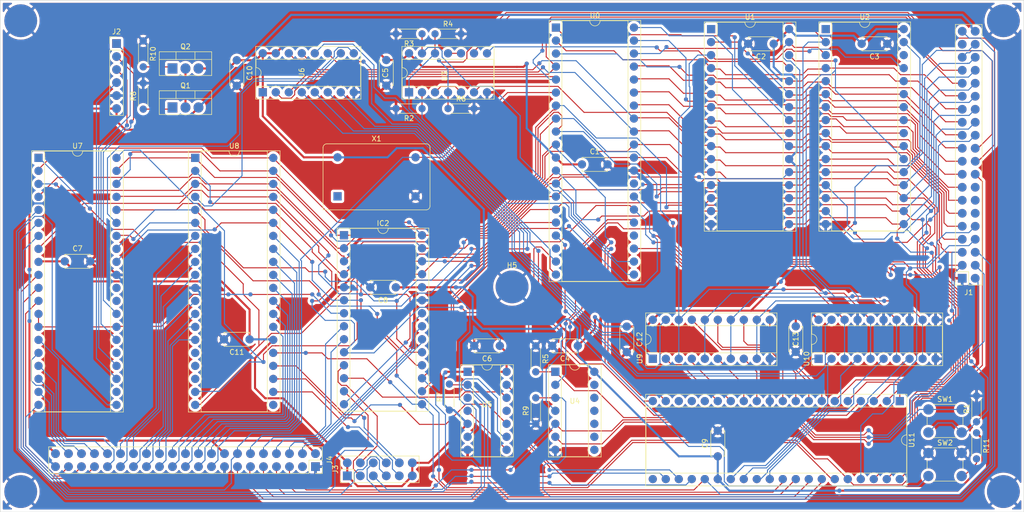
<source format=kicad_pcb>
(kicad_pcb (version 4) (generator gerbview)
  (layers (0 F.Cu signal) (31 B.Cu signal) (34 B.Paste user) (35 F.Paste user) (36 B.SilkS user) (37 F.SilkS user) (38 B.Mask user) (39 F.Mask user) (44 Edge.Cuts user))
  (gr_line (start 23.5 20) (end 223.5 20) (layer Edge.Cuts) (width 0.1))
  (gr_line (start 223.5 20) (end 223.5 120) (layer Edge.Cuts) (width 0.1))
  (gr_line (start 223.5 120) (end 23.5 120) (layer Edge.Cuts) (width 0.1))
  (gr_line (start 23.5 120) (end 23.5 20) (layer Edge.Cuts) (width 0.1))
  (gr_line (start 148.77214 86.89286) (end 148.81976 86.94048) (layer F.SilkS) (width 0.15))
  (gr_line (start 148.81976 86.94048) (end 148.86738 87.08333) (layer F.SilkS) (width 0.15))
  (gr_line (start 148.86738 87.08333) (end 148.86738 87.17857) (layer F.SilkS) (width 0.15))
  (gr_line (start 148.86738 87.17857) (end 148.81976 87.32143) (layer F.SilkS) (width 0.15))
  (gr_line (start 148.81976 87.32143) (end 148.72452 87.41667) (layer F.SilkS) (width 0.15))
  (gr_line (start 148.72452 87.41667) (end 148.62929 87.46428) (layer F.SilkS) (width 0.15))
  (gr_line (start 148.62929 87.46428) (end 148.43881 87.5119) (layer F.SilkS) (width 0.15))
  (gr_line (start 148.43881 87.5119) (end 148.29595 87.5119) (layer F.SilkS) (width 0.15))
  (gr_line (start 148.29595 87.5119) (end 148.10548 87.46428) (layer F.SilkS) (width 0.15))
  (gr_line (start 148.10548 87.46428) (end 148.01024 87.41667) (layer F.SilkS) (width 0.15))
  (gr_line (start 148.01024 87.41667) (end 147.915 87.32143) (layer F.SilkS) (width 0.15))
  (gr_line (start 147.915 87.32143) (end 147.86738 87.17857) (layer F.SilkS) (width 0.15))
  (gr_line (start 147.86738 87.17857) (end 147.86738 87.08333) (layer F.SilkS) (width 0.15))
  (gr_line (start 147.86738 87.08333) (end 147.915 86.94048) (layer F.SilkS) (width 0.15))
  (gr_line (start 147.915 86.94048) (end 147.96262 86.89286) (layer F.SilkS) (width 0.15))
  (gr_line (start 148.86738 85.94048) (end 148.86738 86.5119) (layer F.SilkS) (width 0.15))
  (gr_line (start 148.86738 86.22619) (end 147.86738 86.22619) (layer F.SilkS) (width 0.15))
  (gr_line (start 147.86738 86.22619) (end 148.01024 86.32143) (layer F.SilkS) (width 0.15))
  (gr_line (start 148.01024 86.32143) (end 148.10548 86.41667) (layer F.SilkS) (width 0.15))
  (gr_line (start 148.10548 86.41667) (end 148.1531 86.5119) (layer F.SilkS) (width 0.15))
  (gr_line (start 147.96262 85.55952) (end 147.915 85.5119) (layer F.SilkS) (width 0.15))
  (gr_line (start 147.915 85.5119) (end 147.86738 85.41667) (layer F.SilkS) (width 0.15))
  (gr_line (start 147.86738 85.41667) (end 147.86738 85.17857) (layer F.SilkS) (width 0.15))
  (gr_line (start 147.86738 85.17857) (end 147.915 85.08333) (layer F.SilkS) (width 0.15))
  (gr_line (start 147.915 85.08333) (end 147.96262 85.03571) (layer F.SilkS) (width 0.15))
  (gr_line (start 147.96262 85.03571) (end 148.05786 84.9881) (layer F.SilkS) (width 0.15))
  (gr_line (start 148.05786 84.9881) (end 148.1531 84.9881) (layer F.SilkS) (width 0.15))
  (gr_line (start 148.1531 84.9881) (end 148.29595 85.03571) (layer F.SilkS) (width 0.15))
  (gr_line (start 148.29595 85.03571) (end 148.86738 85.60714) (layer F.SilkS) (width 0.15))
  (gr_line (start 148.86738 85.60714) (end 148.86738 84.9881) (layer F.SilkS) (width 0.15))
  (gr_line (start 103.20333 28.93238) (end 102.87 28.45619) (layer F.SilkS) (width 0.15))
  (gr_line (start 102.63191 28.93238) (end 102.63191 27.93238) (layer F.SilkS) (width 0.15))
  (gr_line (start 102.63191 27.93238) (end 103.01286 27.93238) (layer F.SilkS) (width 0.15))
  (gr_line (start 103.01286 27.93238) (end 103.1081 27.98) (layer F.SilkS) (width 0.15))
  (gr_line (start 103.1081 27.98) (end 103.15571 28.02762) (layer F.SilkS) (width 0.15))
  (gr_line (start 103.15571 28.02762) (end 103.20333 28.12286) (layer F.SilkS) (width 0.15))
  (gr_line (start 103.20333 28.12286) (end 103.20333 28.26571) (layer F.SilkS) (width 0.15))
  (gr_line (start 103.20333 28.26571) (end 103.15571 28.36095) (layer F.SilkS) (width 0.15))
  (gr_line (start 103.15571 28.36095) (end 103.1081 28.40857) (layer F.SilkS) (width 0.15))
  (gr_line (start 103.1081 28.40857) (end 103.01286 28.45619) (layer F.SilkS) (width 0.15))
  (gr_line (start 103.01286 28.45619) (end 102.63191 28.45619) (layer F.SilkS) (width 0.15))
  (gr_line (start 103.53667 27.93238) (end 104.15571 27.93238) (layer F.SilkS) (width 0.15))
  (gr_line (start 104.15571 27.93238) (end 103.82238 28.31333) (layer F.SilkS) (width 0.15))
  (gr_line (start 103.82238 28.31333) (end 103.96524 28.31333) (layer F.SilkS) (width 0.15))
  (gr_line (start 103.96524 28.31333) (end 104.06048 28.36095) (layer F.SilkS) (width 0.15))
  (gr_line (start 104.06048 28.36095) (end 104.1081 28.40857) (layer F.SilkS) (width 0.15))
  (gr_line (start 104.1081 28.40857) (end 104.15571 28.50381) (layer F.SilkS) (width 0.15))
  (gr_line (start 104.15571 28.50381) (end 104.15571 28.7419) (layer F.SilkS) (width 0.15))
  (gr_line (start 104.15571 28.7419) (end 104.1081 28.83714) (layer F.SilkS) (width 0.15))
  (gr_line (start 104.1081 28.83714) (end 104.06048 28.88476) (layer F.SilkS) (width 0.15))
  (gr_line (start 104.06048 28.88476) (end 103.96524 28.93238) (layer F.SilkS) (width 0.15))
  (gr_line (start 103.96524 28.93238) (end 103.67952 28.93238) (layer F.SilkS) (width 0.15))
  (gr_line (start 103.67952 28.93238) (end 103.58429 28.88476) (layer F.SilkS) (width 0.15))
  (gr_line (start 103.58429 28.88476) (end 103.53667 28.83714) (layer F.SilkS) (width 0.15))
  (gr_line (start 191.6431 22.75738) (end 191.6431 23.5669) (layer F.SilkS) (width 0.15))
  (gr_line (start 191.6431 23.5669) (end 191.69072 23.66214) (layer F.SilkS) (width 0.15))
  (gr_line (start 191.69072 23.66214) (end 191.73833 23.70976) (layer F.SilkS) (width 0.15))
  (gr_line (start 191.73833 23.70976) (end 191.83357 23.75738) (layer F.SilkS) (width 0.15))
  (gr_line (start 191.83357 23.75738) (end 192.02405 23.75738) (layer F.SilkS) (width 0.15))
  (gr_line (start 192.02405 23.75738) (end 192.11929 23.70976) (layer F.SilkS) (width 0.15))
  (gr_line (start 192.11929 23.70976) (end 192.16691 23.66214) (layer F.SilkS) (width 0.15))
  (gr_line (start 192.16691 23.66214) (end 192.21452 23.5669) (layer F.SilkS) (width 0.15))
  (gr_line (start 192.21452 23.5669) (end 192.21452 22.75738) (layer F.SilkS) (width 0.15))
  (gr_line (start 192.6431 22.85262) (end 192.69072 22.805) (layer F.SilkS) (width 0.15))
  (gr_line (start 192.69072 22.805) (end 192.78595 22.75738) (layer F.SilkS) (width 0.15))
  (gr_line (start 192.78595 22.75738) (end 193.02405 22.75738) (layer F.SilkS) (width 0.15))
  (gr_line (start 193.02405 22.75738) (end 193.11929 22.805) (layer F.SilkS) (width 0.15))
  (gr_line (start 193.11929 22.805) (end 193.16691 22.85262) (layer F.SilkS) (width 0.15))
  (gr_line (start 193.16691 22.85262) (end 193.21452 22.94786) (layer F.SilkS) (width 0.15))
  (gr_line (start 193.21452 22.94786) (end 193.21452 23.0431) (layer F.SilkS) (width 0.15))
  (gr_line (start 193.21452 23.0431) (end 193.16691 23.18595) (layer F.SilkS) (width 0.15))
  (gr_line (start 193.16691 23.18595) (end 192.59548 23.75738) (layer F.SilkS) (width 0.15))
  (gr_line (start 192.59548 23.75738) (end 193.21452 23.75738) (layer F.SilkS) (width 0.15))
  (gr_line (start 96.21048 46.50238) (end 96.87714 47.50238) (layer F.SilkS) (width 0.15))
  (gr_line (start 96.87714 46.50238) (end 96.21048 47.50238) (layer F.SilkS) (width 0.15))
  (gr_line (start 97.7819 47.50238) (end 97.21048 47.50238) (layer F.SilkS) (width 0.15))
  (gr_line (start 97.49619 47.50238) (end 97.49619 46.50238) (layer F.SilkS) (width 0.15))
  (gr_line (start 97.49619 46.50238) (end 97.40095 46.64524) (layer F.SilkS) (width 0.15))
  (gr_line (start 97.40095 46.64524) (end 97.30571 46.74048) (layer F.SilkS) (width 0.15))
  (gr_line (start 97.30571 46.74048) (end 97.21048 46.7881) (layer F.SilkS) (width 0.15))
  (gr_line (start 212.78138 99.98867) (end 212.30519 100.322) (layer F.SilkS) (width 0.15))
  (gr_line (start 212.78138 100.56009) (end 211.78138 100.56009) (layer F.SilkS) (width 0.15))
  (gr_line (start 211.78138 100.56009) (end 211.78138 100.17914) (layer F.SilkS) (width 0.15))
  (gr_line (start 211.78138 100.17914) (end 211.829 100.0839) (layer F.SilkS) (width 0.15))
  (gr_line (start 211.829 100.0839) (end 211.87662 100.03629) (layer F.SilkS) (width 0.15))
  (gr_line (start 211.87662 100.03629) (end 211.97186 99.98867) (layer F.SilkS) (width 0.15))
  (gr_line (start 211.97186 99.98867) (end 212.11471 99.98867) (layer F.SilkS) (width 0.15))
  (gr_line (start 212.11471 99.98867) (end 212.20995 100.03629) (layer F.SilkS) (width 0.15))
  (gr_line (start 212.20995 100.03629) (end 212.25757 100.0839) (layer F.SilkS) (width 0.15))
  (gr_line (start 212.25757 100.0839) (end 212.30519 100.17914) (layer F.SilkS) (width 0.15))
  (gr_line (start 212.30519 100.17914) (end 212.30519 100.56009) (layer F.SilkS) (width 0.15))
  (gr_line (start 212.78138 99.03629) (end 212.78138 99.60771) (layer F.SilkS) (width 0.15))
  (gr_line (start 212.78138 99.322) (end 211.78138 99.322) (layer F.SilkS) (width 0.15))
  (gr_line (start 211.78138 99.322) (end 211.92424 99.41724) (layer F.SilkS) (width 0.15))
  (gr_line (start 211.92424 99.41724) (end 212.01948 99.51248) (layer F.SilkS) (width 0.15))
  (gr_line (start 212.01948 99.51248) (end 212.0671 99.60771) (layer F.SilkS) (width 0.15))
  (gr_line (start 133.68333 90.37714) (end 133.63571 90.42476) (layer F.SilkS) (width 0.15))
  (gr_line (start 133.63571 90.42476) (end 133.49286 90.47238) (layer F.SilkS) (width 0.15))
  (gr_line (start 133.49286 90.47238) (end 133.39762 90.47238) (layer F.SilkS) (width 0.15))
  (gr_line (start 133.39762 90.47238) (end 133.25476 90.42476) (layer F.SilkS) (width 0.15))
  (gr_line (start 133.25476 90.42476) (end 133.15952 90.32952) (layer F.SilkS) (width 0.15))
  (gr_line (start 133.15952 90.32952) (end 133.11191 90.23429) (layer F.SilkS) (width 0.15))
  (gr_line (start 133.11191 90.23429) (end 133.06429 90.04381) (layer F.SilkS) (width 0.15))
  (gr_line (start 133.06429 90.04381) (end 133.06429 89.90095) (layer F.SilkS) (width 0.15))
  (gr_line (start 133.06429 89.90095) (end 133.11191 89.71048) (layer F.SilkS) (width 0.15))
  (gr_line (start 133.11191 89.71048) (end 133.15952 89.61524) (layer F.SilkS) (width 0.15))
  (gr_line (start 133.15952 89.61524) (end 133.25476 89.52) (layer F.SilkS) (width 0.15))
  (gr_line (start 133.25476 89.52) (end 133.39762 89.47238) (layer F.SilkS) (width 0.15))
  (gr_line (start 133.39762 89.47238) (end 133.49286 89.47238) (layer F.SilkS) (width 0.15))
  (gr_line (start 133.49286 89.47238) (end 133.63571 89.52) (layer F.SilkS) (width 0.15))
  (gr_line (start 133.63571 89.52) (end 133.68333 89.56762) (layer F.SilkS) (width 0.15))
  (gr_line (start 134.54048 89.80571) (end 134.54048 90.47238) (layer F.SilkS) (width 0.15))
  (gr_line (start 134.30238 89.42476) (end 134.06429 90.13905) (layer F.SilkS) (width 0.15))
  (gr_line (start 134.06429 90.13905) (end 134.68333 90.13905) (layer F.SilkS) (width 0.15))
  (gr_line (start 59.59476 37.22762) (end 59.49952 37.18) (layer F.SilkS) (width 0.15))
  (gr_line (start 59.49952 37.18) (end 59.40429 37.08476) (layer F.SilkS) (width 0.15))
  (gr_line (start 59.40429 37.08476) (end 59.26143 36.9419) (layer F.SilkS) (width 0.15))
  (gr_line (start 59.26143 36.9419) (end 59.16619 36.89429) (layer F.SilkS) (width 0.15))
  (gr_line (start 59.16619 36.89429) (end 59.07095 36.89429) (layer F.SilkS) (width 0.15))
  (gr_line (start 59.11857 37.13238) (end 59.02333 37.08476) (layer F.SilkS) (width 0.15))
  (gr_line (start 59.02333 37.08476) (end 58.9281 36.98952) (layer F.SilkS) (width 0.15))
  (gr_line (start 58.9281 36.98952) (end 58.88048 36.79905) (layer F.SilkS) (width 0.15))
  (gr_line (start 58.88048 36.79905) (end 58.88048 36.46571) (layer F.SilkS) (width 0.15))
  (gr_line (start 58.88048 36.46571) (end 58.9281 36.27524) (layer F.SilkS) (width 0.15))
  (gr_line (start 58.9281 36.27524) (end 59.02333 36.18) (layer F.SilkS) (width 0.15))
  (gr_line (start 59.02333 36.18) (end 59.11857 36.13238) (layer F.SilkS) (width 0.15))
  (gr_line (start 59.11857 36.13238) (end 59.30905 36.13238) (layer F.SilkS) (width 0.15))
  (gr_line (start 59.30905 36.13238) (end 59.40429 36.18) (layer F.SilkS) (width 0.15))
  (gr_line (start 59.40429 36.18) (end 59.49952 36.27524) (layer F.SilkS) (width 0.15))
  (gr_line (start 59.49952 36.27524) (end 59.54714 36.46571) (layer F.SilkS) (width 0.15))
  (gr_line (start 59.54714 36.46571) (end 59.54714 36.79905) (layer F.SilkS) (width 0.15))
  (gr_line (start 59.54714 36.79905) (end 59.49952 36.98952) (layer F.SilkS) (width 0.15))
  (gr_line (start 59.49952 36.98952) (end 59.40429 37.08476) (layer F.SilkS) (width 0.15))
  (gr_line (start 59.40429 37.08476) (end 59.30905 37.13238) (layer F.SilkS) (width 0.15))
  (gr_line (start 59.30905 37.13238) (end 59.11857 37.13238) (layer F.SilkS) (width 0.15))
  (gr_line (start 60.49952 37.13238) (end 59.9281 37.13238) (layer F.SilkS) (width 0.15))
  (gr_line (start 60.21381 37.13238) (end 60.21381 36.13238) (layer F.SilkS) (width 0.15))
  (gr_line (start 60.21381 36.13238) (end 60.11857 36.27524) (layer F.SilkS) (width 0.15))
  (gr_line (start 60.11857 36.27524) (end 60.02333 36.37048) (layer F.SilkS) (width 0.15))
  (gr_line (start 60.02333 36.37048) (end 59.9281 36.4181) (layer F.SilkS) (width 0.15))
  (gr_line (start 109.80238 35.5769) (end 110.6119 35.5769) (layer F.SilkS) (width 0.15))
  (gr_line (start 110.6119 35.5769) (end 110.70714 35.52928) (layer F.SilkS) (width 0.15))
  (gr_line (start 110.70714 35.52928) (end 110.75476 35.48167) (layer F.SilkS) (width 0.15))
  (gr_line (start 110.75476 35.48167) (end 110.80238 35.38643) (layer F.SilkS) (width 0.15))
  (gr_line (start 110.80238 35.38643) (end 110.80238 35.19595) (layer F.SilkS) (width 0.15))
  (gr_line (start 110.80238 35.19595) (end 110.75476 35.10071) (layer F.SilkS) (width 0.15))
  (gr_line (start 110.75476 35.10071) (end 110.70714 35.05309) (layer F.SilkS) (width 0.15))
  (gr_line (start 110.70714 35.05309) (end 110.6119 35.00548) (layer F.SilkS) (width 0.15))
  (gr_line (start 110.6119 35.00548) (end 109.80238 35.00548) (layer F.SilkS) (width 0.15))
  (gr_line (start 109.80238 34.62452) (end 109.80238 34.00548) (layer F.SilkS) (width 0.15))
  (gr_line (start 109.80238 34.00548) (end 110.18333 34.33881) (layer F.SilkS) (width 0.15))
  (gr_line (start 110.18333 34.33881) (end 110.18333 34.19595) (layer F.SilkS) (width 0.15))
  (gr_line (start 110.18333 34.19595) (end 110.23095 34.10071) (layer F.SilkS) (width 0.15))
  (gr_line (start 110.23095 34.10071) (end 110.27857 34.05309) (layer F.SilkS) (width 0.15))
  (gr_line (start 110.27857 34.05309) (end 110.37381 34.00548) (layer F.SilkS) (width 0.15))
  (gr_line (start 110.37381 34.00548) (end 110.6119 34.00548) (layer F.SilkS) (width 0.15))
  (gr_line (start 110.6119 34.00548) (end 110.70714 34.05309) (layer F.SilkS) (width 0.15))
  (gr_line (start 110.70714 34.05309) (end 110.75476 34.10071) (layer F.SilkS) (width 0.15))
  (gr_line (start 110.75476 34.10071) (end 110.80238 34.19595) (layer F.SilkS) (width 0.15))
  (gr_line (start 110.80238 34.19595) (end 110.80238 34.48167) (layer F.SilkS) (width 0.15))
  (gr_line (start 110.80238 34.48167) (end 110.75476 34.5769) (layer F.SilkS) (width 0.15))
  (gr_line (start 110.75476 34.5769) (end 110.70714 34.62452) (layer F.SilkS) (width 0.15))
  (gr_line (start 98.12333 78.94714) (end 98.07571 78.99476) (layer F.SilkS) (width 0.15))
  (gr_line (start 98.07571 78.99476) (end 97.93286 79.04238) (layer F.SilkS) (width 0.15))
  (gr_line (start 97.93286 79.04238) (end 97.83762 79.04238) (layer F.SilkS) (width 0.15))
  (gr_line (start 97.83762 79.04238) (end 97.69476 78.99476) (layer F.SilkS) (width 0.15))
  (gr_line (start 97.69476 78.99476) (end 97.59952 78.89952) (layer F.SilkS) (width 0.15))
  (gr_line (start 97.59952 78.89952) (end 97.55191 78.80429) (layer F.SilkS) (width 0.15))
  (gr_line (start 97.55191 78.80429) (end 97.50429 78.61381) (layer F.SilkS) (width 0.15))
  (gr_line (start 97.50429 78.61381) (end 97.50429 78.47095) (layer F.SilkS) (width 0.15))
  (gr_line (start 97.50429 78.47095) (end 97.55191 78.28048) (layer F.SilkS) (width 0.15))
  (gr_line (start 97.55191 78.28048) (end 97.59952 78.18524) (layer F.SilkS) (width 0.15))
  (gr_line (start 97.59952 78.18524) (end 97.69476 78.09) (layer F.SilkS) (width 0.15))
  (gr_line (start 97.69476 78.09) (end 97.83762 78.04238) (layer F.SilkS) (width 0.15))
  (gr_line (start 97.83762 78.04238) (end 97.93286 78.04238) (layer F.SilkS) (width 0.15))
  (gr_line (start 97.93286 78.04238) (end 98.07571 78.09) (layer F.SilkS) (width 0.15))
  (gr_line (start 98.07571 78.09) (end 98.12333 78.13762) (layer F.SilkS) (width 0.15))
  (gr_line (start 98.69476 78.47095) (end 98.59952 78.42333) (layer F.SilkS) (width 0.15))
  (gr_line (start 98.59952 78.42333) (end 98.55191 78.37571) (layer F.SilkS) (width 0.15))
  (gr_line (start 98.55191 78.37571) (end 98.50429 78.28048) (layer F.SilkS) (width 0.15))
  (gr_line (start 98.50429 78.28048) (end 98.50429 78.23286) (layer F.SilkS) (width 0.15))
  (gr_line (start 98.50429 78.23286) (end 98.55191 78.13762) (layer F.SilkS) (width 0.15))
  (gr_line (start 98.55191 78.13762) (end 98.59952 78.09) (layer F.SilkS) (width 0.15))
  (gr_line (start 98.59952 78.09) (end 98.69476 78.04238) (layer F.SilkS) (width 0.15))
  (gr_line (start 98.69476 78.04238) (end 98.88524 78.04238) (layer F.SilkS) (width 0.15))
  (gr_line (start 98.88524 78.04238) (end 98.98048 78.09) (layer F.SilkS) (width 0.15))
  (gr_line (start 98.98048 78.09) (end 99.0281 78.13762) (layer F.SilkS) (width 0.15))
  (gr_line (start 99.0281 78.13762) (end 99.07571 78.23286) (layer F.SilkS) (width 0.15))
  (gr_line (start 99.07571 78.23286) (end 99.07571 78.28048) (layer F.SilkS) (width 0.15))
  (gr_line (start 99.07571 78.28048) (end 99.0281 78.37571) (layer F.SilkS) (width 0.15))
  (gr_line (start 99.0281 78.37571) (end 98.98048 78.42333) (layer F.SilkS) (width 0.15))
  (gr_line (start 98.98048 78.42333) (end 98.88524 78.47095) (layer F.SilkS) (width 0.15))
  (gr_line (start 98.88524 78.47095) (end 98.69476 78.47095) (layer F.SilkS) (width 0.15))
  (gr_line (start 98.69476 78.47095) (end 98.59952 78.51857) (layer F.SilkS) (width 0.15))
  (gr_line (start 98.59952 78.51857) (end 98.55191 78.56619) (layer F.SilkS) (width 0.15))
  (gr_line (start 98.55191 78.56619) (end 98.50429 78.66143) (layer F.SilkS) (width 0.15))
  (gr_line (start 98.50429 78.66143) (end 98.50429 78.8519) (layer F.SilkS) (width 0.15))
  (gr_line (start 98.50429 78.8519) (end 98.55191 78.94714) (layer F.SilkS) (width 0.15))
  (gr_line (start 98.55191 78.94714) (end 98.59952 78.99476) (layer F.SilkS) (width 0.15))
  (gr_line (start 98.59952 78.99476) (end 98.69476 79.04238) (layer F.SilkS) (width 0.15))
  (gr_line (start 98.69476 79.04238) (end 98.88524 79.04238) (layer F.SilkS) (width 0.15))
  (gr_line (start 98.88524 79.04238) (end 98.98048 78.99476) (layer F.SilkS) (width 0.15))
  (gr_line (start 98.98048 78.99476) (end 99.0281 78.94714) (layer F.SilkS) (width 0.15))
  (gr_line (start 99.0281 78.94714) (end 99.07571 78.8519) (layer F.SilkS) (width 0.15))
  (gr_line (start 99.07571 78.8519) (end 99.07571 78.66143) (layer F.SilkS) (width 0.15))
  (gr_line (start 99.07571 78.66143) (end 99.0281 78.56619) (layer F.SilkS) (width 0.15))
  (gr_line (start 99.0281 78.56619) (end 98.98048 78.51857) (layer F.SilkS) (width 0.15))
  (gr_line (start 98.98048 78.51857) (end 98.88524 78.47095) (layer F.SilkS) (width 0.15))
  (gr_line (start 135.0031 97.76738) (end 135.0031 98.5769) (layer F.SilkS) (width 0.15))
  (gr_line (start 135.0031 98.5769) (end 135.05072 98.67214) (layer F.SilkS) (width 0.15))
  (gr_line (start 135.05072 98.67214) (end 135.09833 98.71976) (layer F.SilkS) (width 0.15))
  (gr_line (start 135.09833 98.71976) (end 135.19357 98.76738) (layer F.SilkS) (width 0.15))
  (gr_line (start 135.19357 98.76738) (end 135.38405 98.76738) (layer F.SilkS) (width 0.15))
  (gr_line (start 135.38405 98.76738) (end 135.47929 98.71976) (layer F.SilkS) (width 0.15))
  (gr_line (start 135.47929 98.71976) (end 135.52691 98.67214) (layer F.SilkS) (width 0.15))
  (gr_line (start 135.52691 98.67214) (end 135.57452 98.5769) (layer F.SilkS) (width 0.15))
  (gr_line (start 135.57452 98.5769) (end 135.57452 97.76738) (layer F.SilkS) (width 0.15))
  (gr_line (start 136.47929 98.10071) (end 136.47929 98.76738) (layer F.SilkS) (width 0.15))
  (gr_line (start 136.24119 97.71976) (end 136.0031 98.43405) (layer F.SilkS) (width 0.15))
  (gr_line (start 136.0031 98.43405) (end 136.62214 98.43405) (layer F.SilkS) (width 0.15))
  (gr_line (start 206.76767 106.86276) (end 206.91053 106.91038) (layer F.SilkS) (width 0.15))
  (gr_line (start 206.91053 106.91038) (end 207.14862 106.91038) (layer F.SilkS) (width 0.15))
  (gr_line (start 207.14862 106.91038) (end 207.24386 106.86276) (layer F.SilkS) (width 0.15))
  (gr_line (start 207.24386 106.86276) (end 207.29148 106.81514) (layer F.SilkS) (width 0.15))
  (gr_line (start 207.29148 106.81514) (end 207.3391 106.7199) (layer F.SilkS) (width 0.15))
  (gr_line (start 207.3391 106.7199) (end 207.3391 106.62467) (layer F.SilkS) (width 0.15))
  (gr_line (start 207.3391 106.62467) (end 207.29148 106.52943) (layer F.SilkS) (width 0.15))
  (gr_line (start 207.29148 106.52943) (end 207.24386 106.48181) (layer F.SilkS) (width 0.15))
  (gr_line (start 207.24386 106.48181) (end 207.14862 106.43419) (layer F.SilkS) (width 0.15))
  (gr_line (start 207.14862 106.43419) (end 206.95814 106.38657) (layer F.SilkS) (width 0.15))
  (gr_line (start 206.95814 106.38657) (end 206.86291 106.33895) (layer F.SilkS) (width 0.15))
  (gr_line (start 206.86291 106.33895) (end 206.81529 106.29133) (layer F.SilkS) (width 0.15))
  (gr_line (start 206.81529 106.29133) (end 206.76767 106.1961) (layer F.SilkS) (width 0.15))
  (gr_line (start 206.76767 106.1961) (end 206.76767 106.10086) (layer F.SilkS) (width 0.15))
  (gr_line (start 206.76767 106.10086) (end 206.81529 106.00562) (layer F.SilkS) (width 0.15))
  (gr_line (start 206.81529 106.00562) (end 206.86291 105.958) (layer F.SilkS) (width 0.15))
  (gr_line (start 206.86291 105.958) (end 206.95814 105.91038) (layer F.SilkS) (width 0.15))
  (gr_line (start 206.95814 105.91038) (end 207.19624 105.91038) (layer F.SilkS) (width 0.15))
  (gr_line (start 207.19624 105.91038) (end 207.3391 105.958) (layer F.SilkS) (width 0.15))
  (gr_line (start 207.67243 105.91038) (end 207.91052 106.91038) (layer F.SilkS) (width 0.15))
  (gr_line (start 207.91052 106.91038) (end 208.101 106.1961) (layer F.SilkS) (width 0.15))
  (gr_line (start 208.101 106.1961) (end 208.29148 106.91038) (layer F.SilkS) (width 0.15))
  (gr_line (start 208.29148 106.91038) (end 208.52957 105.91038) (layer F.SilkS) (width 0.15))
  (gr_line (start 208.86291 106.00562) (end 208.91052 105.958) (layer F.SilkS) (width 0.15))
  (gr_line (start 208.91052 105.958) (end 209.00576 105.91038) (layer F.SilkS) (width 0.15))
  (gr_line (start 209.00576 105.91038) (end 209.24386 105.91038) (layer F.SilkS) (width 0.15))
  (gr_line (start 209.24386 105.91038) (end 209.3391 105.958) (layer F.SilkS) (width 0.15))
  (gr_line (start 209.3391 105.958) (end 209.38671 106.00562) (layer F.SilkS) (width 0.15))
  (gr_line (start 209.38671 106.00562) (end 209.43433 106.10086) (layer F.SilkS) (width 0.15))
  (gr_line (start 209.43433 106.10086) (end 209.43433 106.1961) (layer F.SilkS) (width 0.15))
  (gr_line (start 209.43433 106.1961) (end 209.38671 106.33895) (layer F.SilkS) (width 0.15))
  (gr_line (start 209.38671 106.33895) (end 208.81529 106.91038) (layer F.SilkS) (width 0.15))
  (gr_line (start 208.81529 106.91038) (end 209.43433 106.91038) (layer F.SilkS) (width 0.15))
  (gr_line (start 130.50738 90.22667) (end 130.03119 90.56) (layer F.SilkS) (width 0.15))
  (gr_line (start 130.50738 90.79809) (end 129.50738 90.79809) (layer F.SilkS) (width 0.15))
  (gr_line (start 129.50738 90.79809) (end 129.50738 90.41714) (layer F.SilkS) (width 0.15))
  (gr_line (start 129.50738 90.41714) (end 129.555 90.3219) (layer F.SilkS) (width 0.15))
  (gr_line (start 129.555 90.3219) (end 129.60262 90.27429) (layer F.SilkS) (width 0.15))
  (gr_line (start 129.60262 90.27429) (end 129.69786 90.22667) (layer F.SilkS) (width 0.15))
  (gr_line (start 129.69786 90.22667) (end 129.84071 90.22667) (layer F.SilkS) (width 0.15))
  (gr_line (start 129.84071 90.22667) (end 129.93595 90.27429) (layer F.SilkS) (width 0.15))
  (gr_line (start 129.93595 90.27429) (end 129.98357 90.3219) (layer F.SilkS) (width 0.15))
  (gr_line (start 129.98357 90.3219) (end 130.03119 90.41714) (layer F.SilkS) (width 0.15))
  (gr_line (start 130.03119 90.41714) (end 130.03119 90.79809) (layer F.SilkS) (width 0.15))
  (gr_line (start 129.50738 89.3219) (end 129.50738 89.79809) (layer F.SilkS) (width 0.15))
  (gr_line (start 129.50738 89.79809) (end 129.98357 89.84571) (layer F.SilkS) (width 0.15))
  (gr_line (start 129.98357 89.84571) (end 129.93595 89.79809) (layer F.SilkS) (width 0.15))
  (gr_line (start 129.93595 89.79809) (end 129.88833 89.70286) (layer F.SilkS) (width 0.15))
  (gr_line (start 129.88833 89.70286) (end 129.88833 89.46476) (layer F.SilkS) (width 0.15))
  (gr_line (start 129.88833 89.46476) (end 129.93595 89.36952) (layer F.SilkS) (width 0.15))
  (gr_line (start 129.93595 89.36952) (end 129.98357 89.3219) (layer F.SilkS) (width 0.15))
  (gr_line (start 129.98357 89.3219) (end 130.07881 89.27429) (layer F.SilkS) (width 0.15))
  (gr_line (start 130.07881 89.27429) (end 130.3169 89.27429) (layer F.SilkS) (width 0.15))
  (gr_line (start 130.3169 89.27429) (end 130.41214 89.3219) (layer F.SilkS) (width 0.15))
  (gr_line (start 130.41214 89.3219) (end 130.45976 89.36952) (layer F.SilkS) (width 0.15))
  (gr_line (start 130.45976 89.36952) (end 130.50738 89.46476) (layer F.SilkS) (width 0.15))
  (gr_line (start 130.50738 89.46476) (end 130.50738 89.70286) (layer F.SilkS) (width 0.15))
  (gr_line (start 130.50738 89.70286) (end 130.45976 89.79809) (layer F.SilkS) (width 0.15))
  (gr_line (start 130.45976 89.79809) (end 130.41214 89.84571) (layer F.SilkS) (width 0.15))
  (gr_line (start 87.31238 110.18833) (end 88.02667 110.18833) (layer F.SilkS) (width 0.15))
  (gr_line (start 88.02667 110.18833) (end 88.16952 110.23595) (layer F.SilkS) (width 0.15))
  (gr_line (start 88.16952 110.23595) (end 88.26476 110.33119) (layer F.SilkS) (width 0.15))
  (gr_line (start 88.26476 110.33119) (end 88.31238 110.47405) (layer F.SilkS) (width 0.15))
  (gr_line (start 88.31238 110.47405) (end 88.31238 110.56928) (layer F.SilkS) (width 0.15))
  (gr_line (start 87.64571 109.28357) (end 88.31238 109.28357) (layer F.SilkS) (width 0.15))
  (gr_line (start 87.26476 109.52167) (end 87.97905 109.75976) (layer F.SilkS) (width 0.15))
  (gr_line (start 87.97905 109.75976) (end 87.97905 109.14071) (layer F.SilkS) (width 0.15))
  (gr_line (start 37.8331 47.92238) (end 37.8331 48.7319) (layer F.SilkS) (width 0.15))
  (gr_line (start 37.8331 48.7319) (end 37.88072 48.82714) (layer F.SilkS) (width 0.15))
  (gr_line (start 37.88072 48.82714) (end 37.92833 48.87476) (layer F.SilkS) (width 0.15))
  (gr_line (start 37.92833 48.87476) (end 38.02357 48.92238) (layer F.SilkS) (width 0.15))
  (gr_line (start 38.02357 48.92238) (end 38.21405 48.92238) (layer F.SilkS) (width 0.15))
  (gr_line (start 38.21405 48.92238) (end 38.30929 48.87476) (layer F.SilkS) (width 0.15))
  (gr_line (start 38.30929 48.87476) (end 38.35691 48.82714) (layer F.SilkS) (width 0.15))
  (gr_line (start 38.35691 48.82714) (end 38.40452 48.7319) (layer F.SilkS) (width 0.15))
  (gr_line (start 38.40452 48.7319) (end 38.40452 47.92238) (layer F.SilkS) (width 0.15))
  (gr_line (start 38.78548 47.92238) (end 39.45214 47.92238) (layer F.SilkS) (width 0.15))
  (gr_line (start 39.45214 47.92238) (end 39.02357 48.92238) (layer F.SilkS) (width 0.15))
  (gr_line (start 194.14333 31.36214) (end 194.09571 31.40976) (layer F.SilkS) (width 0.15))
  (gr_line (start 194.09571 31.40976) (end 193.95286 31.45738) (layer F.SilkS) (width 0.15))
  (gr_line (start 193.95286 31.45738) (end 193.85762 31.45738) (layer F.SilkS) (width 0.15))
  (gr_line (start 193.85762 31.45738) (end 193.71476 31.40976) (layer F.SilkS) (width 0.15))
  (gr_line (start 193.71476 31.40976) (end 193.61952 31.31452) (layer F.SilkS) (width 0.15))
  (gr_line (start 193.61952 31.31452) (end 193.57191 31.21929) (layer F.SilkS) (width 0.15))
  (gr_line (start 193.57191 31.21929) (end 193.52429 31.02881) (layer F.SilkS) (width 0.15))
  (gr_line (start 193.52429 31.02881) (end 193.52429 30.88595) (layer F.SilkS) (width 0.15))
  (gr_line (start 193.52429 30.88595) (end 193.57191 30.69548) (layer F.SilkS) (width 0.15))
  (gr_line (start 193.57191 30.69548) (end 193.61952 30.60024) (layer F.SilkS) (width 0.15))
  (gr_line (start 193.61952 30.60024) (end 193.71476 30.505) (layer F.SilkS) (width 0.15))
  (gr_line (start 193.71476 30.505) (end 193.85762 30.45738) (layer F.SilkS) (width 0.15))
  (gr_line (start 193.85762 30.45738) (end 193.95286 30.45738) (layer F.SilkS) (width 0.15))
  (gr_line (start 193.95286 30.45738) (end 194.09571 30.505) (layer F.SilkS) (width 0.15))
  (gr_line (start 194.09571 30.505) (end 194.14333 30.55262) (layer F.SilkS) (width 0.15))
  (gr_line (start 194.47667 30.45738) (end 195.09571 30.45738) (layer F.SilkS) (width 0.15))
  (gr_line (start 195.09571 30.45738) (end 194.76238 30.83833) (layer F.SilkS) (width 0.15))
  (gr_line (start 194.76238 30.83833) (end 194.90524 30.83833) (layer F.SilkS) (width 0.15))
  (gr_line (start 194.90524 30.83833) (end 195.00048 30.88595) (layer F.SilkS) (width 0.15))
  (gr_line (start 195.00048 30.88595) (end 195.0481 30.93357) (layer F.SilkS) (width 0.15))
  (gr_line (start 195.0481 30.93357) (end 195.09571 31.02881) (layer F.SilkS) (width 0.15))
  (gr_line (start 195.09571 31.02881) (end 195.09571 31.2669) (layer F.SilkS) (width 0.15))
  (gr_line (start 195.09571 31.2669) (end 195.0481 31.36214) (layer F.SilkS) (width 0.15))
  (gr_line (start 195.0481 31.36214) (end 195.00048 31.40976) (layer F.SilkS) (width 0.15))
  (gr_line (start 195.00048 31.40976) (end 194.90524 31.45738) (layer F.SilkS) (width 0.15))
  (gr_line (start 194.90524 31.45738) (end 194.61952 31.45738) (layer F.SilkS) (width 0.15))
  (gr_line (start 194.61952 31.45738) (end 194.52429 31.40976) (layer F.SilkS) (width 0.15))
  (gr_line (start 194.52429 31.40976) (end 194.47667 31.36214) (layer F.SilkS) (width 0.15))
  (gr_line (start 113.36333 39.69738) (end 113.03 39.22119) (layer F.SilkS) (width 0.15))
  (gr_line (start 112.79191 39.69738) (end 112.79191 38.69738) (layer F.SilkS) (width 0.15))
  (gr_line (start 112.79191 38.69738) (end 113.17286 38.69738) (layer F.SilkS) (width 0.15))
  (gr_line (start 113.17286 38.69738) (end 113.2681 38.745) (layer F.SilkS) (width 0.15))
  (gr_line (start 113.2681 38.745) (end 113.31571 38.79262) (layer F.SilkS) (width 0.15))
  (gr_line (start 113.31571 38.79262) (end 113.36333 38.88786) (layer F.SilkS) (width 0.15))
  (gr_line (start 113.36333 38.88786) (end 113.36333 39.03071) (layer F.SilkS) (width 0.15))
  (gr_line (start 113.36333 39.03071) (end 113.31571 39.12595) (layer F.SilkS) (width 0.15))
  (gr_line (start 113.31571 39.12595) (end 113.2681 39.17357) (layer F.SilkS) (width 0.15))
  (gr_line (start 113.2681 39.17357) (end 113.17286 39.22119) (layer F.SilkS) (width 0.15))
  (gr_line (start 113.17286 39.22119) (end 112.79191 39.22119) (layer F.SilkS) (width 0.15))
  (gr_line (start 114.22048 38.69738) (end 114.03 38.69738) (layer F.SilkS) (width 0.15))
  (gr_line (start 114.03 38.69738) (end 113.93476 38.745) (layer F.SilkS) (width 0.15))
  (gr_line (start 113.93476 38.745) (end 113.88714 38.79262) (layer F.SilkS) (width 0.15))
  (gr_line (start 113.88714 38.79262) (end 113.79191 38.93548) (layer F.SilkS) (width 0.15))
  (gr_line (start 113.79191 38.93548) (end 113.74429 39.12595) (layer F.SilkS) (width 0.15))
  (gr_line (start 113.74429 39.12595) (end 113.74429 39.5069) (layer F.SilkS) (width 0.15))
  (gr_line (start 113.74429 39.5069) (end 113.79191 39.60214) (layer F.SilkS) (width 0.15))
  (gr_line (start 113.79191 39.60214) (end 113.83952 39.64976) (layer F.SilkS) (width 0.15))
  (gr_line (start 113.83952 39.64976) (end 113.93476 39.69738) (layer F.SilkS) (width 0.15))
  (gr_line (start 113.93476 39.69738) (end 114.12524 39.69738) (layer F.SilkS) (width 0.15))
  (gr_line (start 114.12524 39.69738) (end 114.22048 39.64976) (layer F.SilkS) (width 0.15))
  (gr_line (start 114.22048 39.64976) (end 114.2681 39.60214) (layer F.SilkS) (width 0.15))
  (gr_line (start 114.2681 39.60214) (end 114.31571 39.5069) (layer F.SilkS) (width 0.15))
  (gr_line (start 114.31571 39.5069) (end 114.31571 39.26881) (layer F.SilkS) (width 0.15))
  (gr_line (start 114.31571 39.26881) (end 114.2681 39.17357) (layer F.SilkS) (width 0.15))
  (gr_line (start 114.2681 39.17357) (end 114.22048 39.12595) (layer F.SilkS) (width 0.15))
  (gr_line (start 114.22048 39.12595) (end 114.12524 39.07833) (layer F.SilkS) (width 0.15))
  (gr_line (start 114.12524 39.07833) (end 113.93476 39.07833) (layer F.SilkS) (width 0.15))
  (gr_line (start 113.93476 39.07833) (end 113.83952 39.12595) (layer F.SilkS) (width 0.15))
  (gr_line (start 113.83952 39.12595) (end 113.79191 39.17357) (layer F.SilkS) (width 0.15))
  (gr_line (start 113.79191 39.17357) (end 113.74429 39.26881) (layer F.SilkS) (width 0.15))
  (gr_line (start 97.30881 64.03738) (end 97.30881 63.03738) (layer F.SilkS) (width 0.15))
  (gr_line (start 98.35643 63.94214) (end 98.30881 63.98976) (layer F.SilkS) (width 0.15))
  (gr_line (start 98.30881 63.98976) (end 98.16595 64.03738) (layer F.SilkS) (width 0.15))
  (gr_line (start 98.16595 64.03738) (end 98.07071 64.03738) (layer F.SilkS) (width 0.15))
  (gr_line (start 98.07071 64.03738) (end 97.92786 63.98976) (layer F.SilkS) (width 0.15))
  (gr_line (start 97.92786 63.98976) (end 97.83262 63.89452) (layer F.SilkS) (width 0.15))
  (gr_line (start 97.83262 63.89452) (end 97.785 63.79929) (layer F.SilkS) (width 0.15))
  (gr_line (start 97.785 63.79929) (end 97.73738 63.60881) (layer F.SilkS) (width 0.15))
  (gr_line (start 97.73738 63.60881) (end 97.73738 63.46595) (layer F.SilkS) (width 0.15))
  (gr_line (start 97.73738 63.46595) (end 97.785 63.27548) (layer F.SilkS) (width 0.15))
  (gr_line (start 97.785 63.27548) (end 97.83262 63.18024) (layer F.SilkS) (width 0.15))
  (gr_line (start 97.83262 63.18024) (end 97.92786 63.085) (layer F.SilkS) (width 0.15))
  (gr_line (start 97.92786 63.085) (end 98.07071 63.03738) (layer F.SilkS) (width 0.15))
  (gr_line (start 98.07071 63.03738) (end 98.16595 63.03738) (layer F.SilkS) (width 0.15))
  (gr_line (start 98.16595 63.03738) (end 98.30881 63.085) (layer F.SilkS) (width 0.15))
  (gr_line (start 98.30881 63.085) (end 98.35643 63.13262) (layer F.SilkS) (width 0.15))
  (gr_line (start 98.73738 63.13262) (end 98.785 63.085) (layer F.SilkS) (width 0.15))
  (gr_line (start 98.785 63.085) (end 98.88024 63.03738) (layer F.SilkS) (width 0.15))
  (gr_line (start 98.88024 63.03738) (end 99.11833 63.03738) (layer F.SilkS) (width 0.15))
  (gr_line (start 99.11833 63.03738) (end 99.21357 63.085) (layer F.SilkS) (width 0.15))
  (gr_line (start 99.21357 63.085) (end 99.26119 63.13262) (layer F.SilkS) (width 0.15))
  (gr_line (start 99.26119 63.13262) (end 99.30881 63.22786) (layer F.SilkS) (width 0.15))
  (gr_line (start 99.30881 63.22786) (end 99.30881 63.3231) (layer F.SilkS) (width 0.15))
  (gr_line (start 99.30881 63.3231) (end 99.26119 63.46595) (layer F.SilkS) (width 0.15))
  (gr_line (start 99.26119 63.46595) (end 98.68976 64.03738) (layer F.SilkS) (width 0.15))
  (gr_line (start 98.68976 64.03738) (end 99.30881 64.03738) (layer F.SilkS) (width 0.15))
  (gr_line (start 122.7381 72.25238) (end 122.7381 71.25238) (layer F.SilkS) (width 0.15))
  (gr_line (start 122.7381 71.72857) (end 123.30952 71.72857) (layer F.SilkS) (width 0.15))
  (gr_line (start 123.30952 72.25238) (end 123.30952 71.25238) (layer F.SilkS) (width 0.15))
  (gr_line (start 124.26191 71.25238) (end 123.78572 71.25238) (layer F.SilkS) (width 0.15))
  (gr_line (start 123.78572 71.25238) (end 123.7381 71.72857) (layer F.SilkS) (width 0.15))
  (gr_line (start 123.7381 71.72857) (end 123.78572 71.68095) (layer F.SilkS) (width 0.15))
  (gr_line (start 123.78572 71.68095) (end 123.88095 71.63333) (layer F.SilkS) (width 0.15))
  (gr_line (start 123.88095 71.63333) (end 124.11905 71.63333) (layer F.SilkS) (width 0.15))
  (gr_line (start 124.11905 71.63333) (end 124.21429 71.68095) (layer F.SilkS) (width 0.15))
  (gr_line (start 124.21429 71.68095) (end 124.26191 71.72857) (layer F.SilkS) (width 0.15))
  (gr_line (start 124.26191 71.72857) (end 124.30952 71.82381) (layer F.SilkS) (width 0.15))
  (gr_line (start 124.30952 71.82381) (end 124.30952 72.0619) (layer F.SilkS) (width 0.15))
  (gr_line (start 124.30952 72.0619) (end 124.26191 72.15714) (layer F.SilkS) (width 0.15))
  (gr_line (start 124.26191 72.15714) (end 124.21429 72.20476) (layer F.SilkS) (width 0.15))
  (gr_line (start 124.21429 72.20476) (end 124.11905 72.25238) (layer F.SilkS) (width 0.15))
  (gr_line (start 124.11905 72.25238) (end 123.88095 72.25238) (layer F.SilkS) (width 0.15))
  (gr_line (start 123.88095 72.25238) (end 123.78572 72.20476) (layer F.SilkS) (width 0.15))
  (gr_line (start 123.78572 72.20476) (end 123.7381 72.15714) (layer F.SilkS) (width 0.15))
  (gr_line (start 53.80738 31.12286) (end 53.33119 31.45619) (layer F.SilkS) (width 0.15))
  (gr_line (start 53.80738 31.69428) (end 52.80738 31.69428) (layer F.SilkS) (width 0.15))
  (gr_line (start 52.80738 31.69428) (end 52.80738 31.31333) (layer F.SilkS) (width 0.15))
  (gr_line (start 52.80738 31.31333) (end 52.855 31.21809) (layer F.SilkS) (width 0.15))
  (gr_line (start 52.855 31.21809) (end 52.90262 31.17048) (layer F.SilkS) (width 0.15))
  (gr_line (start 52.90262 31.17048) (end 52.99786 31.12286) (layer F.SilkS) (width 0.15))
  (gr_line (start 52.99786 31.12286) (end 53.14071 31.12286) (layer F.SilkS) (width 0.15))
  (gr_line (start 53.14071 31.12286) (end 53.23595 31.17048) (layer F.SilkS) (width 0.15))
  (gr_line (start 53.23595 31.17048) (end 53.28357 31.21809) (layer F.SilkS) (width 0.15))
  (gr_line (start 53.28357 31.21809) (end 53.33119 31.31333) (layer F.SilkS) (width 0.15))
  (gr_line (start 53.33119 31.31333) (end 53.33119 31.69428) (layer F.SilkS) (width 0.15))
  (gr_line (start 53.80738 30.17048) (end 53.80738 30.7419) (layer F.SilkS) (width 0.15))
  (gr_line (start 53.80738 30.45619) (end 52.80738 30.45619) (layer F.SilkS) (width 0.15))
  (gr_line (start 52.80738 30.45619) (end 52.95024 30.55143) (layer F.SilkS) (width 0.15))
  (gr_line (start 52.95024 30.55143) (end 53.04548 30.64667) (layer F.SilkS) (width 0.15))
  (gr_line (start 53.04548 30.64667) (end 53.0931 30.7419) (layer F.SilkS) (width 0.15))
  (gr_line (start 52.80738 29.55143) (end 52.80738 29.45619) (layer F.SilkS) (width 0.15))
  (gr_line (start 52.80738 29.45619) (end 52.855 29.36095) (layer F.SilkS) (width 0.15))
  (gr_line (start 52.855 29.36095) (end 52.90262 29.31333) (layer F.SilkS) (width 0.15))
  (gr_line (start 52.90262 29.31333) (end 52.99786 29.26571) (layer F.SilkS) (width 0.15))
  (gr_line (start 52.99786 29.26571) (end 53.18833 29.2181) (layer F.SilkS) (width 0.15))
  (gr_line (start 53.18833 29.2181) (end 53.42643 29.2181) (layer F.SilkS) (width 0.15))
  (gr_line (start 53.42643 29.2181) (end 53.6169 29.26571) (layer F.SilkS) (width 0.15))
  (gr_line (start 53.6169 29.26571) (end 53.71214 29.31333) (layer F.SilkS) (width 0.15))
  (gr_line (start 53.71214 29.31333) (end 53.75976 29.36095) (layer F.SilkS) (width 0.15))
  (gr_line (start 53.75976 29.36095) (end 53.80738 29.45619) (layer F.SilkS) (width 0.15))
  (gr_line (start 53.80738 29.45619) (end 53.80738 29.55143) (layer F.SilkS) (width 0.15))
  (gr_line (start 53.80738 29.55143) (end 53.75976 29.64667) (layer F.SilkS) (width 0.15))
  (gr_line (start 53.75976 29.64667) (end 53.71214 29.69429) (layer F.SilkS) (width 0.15))
  (gr_line (start 53.71214 29.69429) (end 53.6169 29.7419) (layer F.SilkS) (width 0.15))
  (gr_line (start 53.6169 29.7419) (end 53.42643 29.78952) (layer F.SilkS) (width 0.15))
  (gr_line (start 53.42643 29.78952) (end 53.18833 29.78952) (layer F.SilkS) (width 0.15))
  (gr_line (start 53.18833 29.78952) (end 52.99786 29.7419) (layer F.SilkS) (width 0.15))
  (gr_line (start 52.99786 29.7419) (end 52.90262 29.69429) (layer F.SilkS) (width 0.15))
  (gr_line (start 52.90262 29.69429) (end 52.855 29.64667) (layer F.SilkS) (width 0.15))
  (gr_line (start 52.855 29.64667) (end 52.80738 29.55143) (layer F.SilkS) (width 0.15))
  (gr_line (start 201.03738 107.17309) (end 201.8469 107.17309) (layer F.SilkS) (width 0.15))
  (gr_line (start 201.8469 107.17309) (end 201.94214 107.12547) (layer F.SilkS) (width 0.15))
  (gr_line (start 201.94214 107.12547) (end 201.98976 107.07786) (layer F.SilkS) (width 0.15))
  (gr_line (start 201.98976 107.07786) (end 202.03738 106.98262) (layer F.SilkS) (width 0.15))
  (gr_line (start 202.03738 106.98262) (end 202.03738 106.79214) (layer F.SilkS) (width 0.15))
  (gr_line (start 202.03738 106.79214) (end 201.98976 106.6969) (layer F.SilkS) (width 0.15))
  (gr_line (start 201.98976 106.6969) (end 201.94214 106.64928) (layer F.SilkS) (width 0.15))
  (gr_line (start 201.94214 106.64928) (end 201.8469 106.60167) (layer F.SilkS) (width 0.15))
  (gr_line (start 201.8469 106.60167) (end 201.03738 106.60167) (layer F.SilkS) (width 0.15))
  (gr_line (start 202.03738 105.60167) (end 202.03738 106.17309) (layer F.SilkS) (width 0.15))
  (gr_line (start 202.03738 105.88738) (end 201.03738 105.88738) (layer F.SilkS) (width 0.15))
  (gr_line (start 201.03738 105.88738) (end 201.18024 105.98262) (layer F.SilkS) (width 0.15))
  (gr_line (start 201.18024 105.98262) (end 201.27548 106.07786) (layer F.SilkS) (width 0.15))
  (gr_line (start 201.27548 106.07786) (end 201.3231 106.17309) (layer F.SilkS) (width 0.15))
  (gr_line (start 202.03738 104.64929) (end 202.03738 105.22071) (layer F.SilkS) (width 0.15))
  (gr_line (start 202.03738 104.935) (end 201.03738 104.935) (layer F.SilkS) (width 0.15))
  (gr_line (start 201.03738 104.935) (end 201.18024 105.03024) (layer F.SilkS) (width 0.15))
  (gr_line (start 201.18024 105.03024) (end 201.27548 105.12548) (layer F.SilkS) (width 0.15))
  (gr_line (start 201.27548 105.12548) (end 201.3231 105.22071) (layer F.SilkS) (width 0.15))
  (gr_line (start 126.66738 100.38667) (end 126.19119 100.72) (layer F.SilkS) (width 0.15))
  (gr_line (start 126.66738 100.95809) (end 125.66738 100.95809) (layer F.SilkS) (width 0.15))
  (gr_line (start 125.66738 100.95809) (end 125.66738 100.57714) (layer F.SilkS) (width 0.15))
  (gr_line (start 125.66738 100.57714) (end 125.715 100.4819) (layer F.SilkS) (width 0.15))
  (gr_line (start 125.715 100.4819) (end 125.76262 100.43429) (layer F.SilkS) (width 0.15))
  (gr_line (start 125.76262 100.43429) (end 125.85786 100.38667) (layer F.SilkS) (width 0.15))
  (gr_line (start 125.85786 100.38667) (end 126.00071 100.38667) (layer F.SilkS) (width 0.15))
  (gr_line (start 126.00071 100.38667) (end 126.09595 100.43429) (layer F.SilkS) (width 0.15))
  (gr_line (start 126.09595 100.43429) (end 126.14357 100.4819) (layer F.SilkS) (width 0.15))
  (gr_line (start 126.14357 100.4819) (end 126.19119 100.57714) (layer F.SilkS) (width 0.15))
  (gr_line (start 126.19119 100.57714) (end 126.19119 100.95809) (layer F.SilkS) (width 0.15))
  (gr_line (start 126.66738 99.91048) (end 126.66738 99.72) (layer F.SilkS) (width 0.15))
  (gr_line (start 126.66738 99.72) (end 126.61976 99.62476) (layer F.SilkS) (width 0.15))
  (gr_line (start 126.61976 99.62476) (end 126.57214 99.57714) (layer F.SilkS) (width 0.15))
  (gr_line (start 126.57214 99.57714) (end 126.42929 99.4819) (layer F.SilkS) (width 0.15))
  (gr_line (start 126.42929 99.4819) (end 126.23881 99.43429) (layer F.SilkS) (width 0.15))
  (gr_line (start 126.23881 99.43429) (end 125.85786 99.43429) (layer F.SilkS) (width 0.15))
  (gr_line (start 125.85786 99.43429) (end 125.76262 99.4819) (layer F.SilkS) (width 0.15))
  (gr_line (start 125.76262 99.4819) (end 125.715 99.52952) (layer F.SilkS) (width 0.15))
  (gr_line (start 125.715 99.52952) (end 125.66738 99.62476) (layer F.SilkS) (width 0.15))
  (gr_line (start 125.66738 99.62476) (end 125.66738 99.81524) (layer F.SilkS) (width 0.15))
  (gr_line (start 125.66738 99.81524) (end 125.715 99.91048) (layer F.SilkS) (width 0.15))
  (gr_line (start 125.715 99.91048) (end 125.76262 99.95809) (layer F.SilkS) (width 0.15))
  (gr_line (start 125.76262 99.95809) (end 125.85786 100.00571) (layer F.SilkS) (width 0.15))
  (gr_line (start 125.85786 100.00571) (end 126.09595 100.00571) (layer F.SilkS) (width 0.15))
  (gr_line (start 126.09595 100.00571) (end 126.19119 99.95809) (layer F.SilkS) (width 0.15))
  (gr_line (start 126.19119 99.95809) (end 126.23881 99.91048) (layer F.SilkS) (width 0.15))
  (gr_line (start 126.23881 99.91048) (end 126.28643 99.81524) (layer F.SilkS) (width 0.15))
  (gr_line (start 126.28643 99.81524) (end 126.28643 99.62476) (layer F.SilkS) (width 0.15))
  (gr_line (start 126.28643 99.62476) (end 126.23881 99.52952) (layer F.SilkS) (width 0.15))
  (gr_line (start 126.23881 99.52952) (end 126.19119 99.4819) (layer F.SilkS) (width 0.15))
  (gr_line (start 126.19119 99.4819) (end 126.09595 99.43429) (layer F.SilkS) (width 0.15))
  (gr_line (start 68.4531 47.92238) (end 68.4531 48.7319) (layer F.SilkS) (width 0.15))
  (gr_line (start 68.4531 48.7319) (end 68.50072 48.82714) (layer F.SilkS) (width 0.15))
  (gr_line (start 68.50072 48.82714) (end 68.54833 48.87476) (layer F.SilkS) (width 0.15))
  (gr_line (start 68.54833 48.87476) (end 68.64357 48.92238) (layer F.SilkS) (width 0.15))
  (gr_line (start 68.64357 48.92238) (end 68.83405 48.92238) (layer F.SilkS) (width 0.15))
  (gr_line (start 68.83405 48.92238) (end 68.92929 48.87476) (layer F.SilkS) (width 0.15))
  (gr_line (start 68.92929 48.87476) (end 68.97691 48.82714) (layer F.SilkS) (width 0.15))
  (gr_line (start 68.97691 48.82714) (end 69.02452 48.7319) (layer F.SilkS) (width 0.15))
  (gr_line (start 69.02452 48.7319) (end 69.02452 47.92238) (layer F.SilkS) (width 0.15))
  (gr_line (start 69.64357 48.35095) (end 69.54833 48.30333) (layer F.SilkS) (width 0.15))
  (gr_line (start 69.54833 48.30333) (end 69.50072 48.25571) (layer F.SilkS) (width 0.15))
  (gr_line (start 69.50072 48.25571) (end 69.4531 48.16048) (layer F.SilkS) (width 0.15))
  (gr_line (start 69.4531 48.16048) (end 69.4531 48.11286) (layer F.SilkS) (width 0.15))
  (gr_line (start 69.4531 48.11286) (end 69.50072 48.01762) (layer F.SilkS) (width 0.15))
  (gr_line (start 69.50072 48.01762) (end 69.54833 47.97) (layer F.SilkS) (width 0.15))
  (gr_line (start 69.54833 47.97) (end 69.64357 47.92238) (layer F.SilkS) (width 0.15))
  (gr_line (start 69.64357 47.92238) (end 69.83405 47.92238) (layer F.SilkS) (width 0.15))
  (gr_line (start 69.83405 47.92238) (end 69.92929 47.97) (layer F.SilkS) (width 0.15))
  (gr_line (start 69.92929 47.97) (end 69.97691 48.01762) (layer F.SilkS) (width 0.15))
  (gr_line (start 69.97691 48.01762) (end 70.02452 48.11286) (layer F.SilkS) (width 0.15))
  (gr_line (start 70.02452 48.11286) (end 70.02452 48.16048) (layer F.SilkS) (width 0.15))
  (gr_line (start 70.02452 48.16048) (end 69.97691 48.25571) (layer F.SilkS) (width 0.15))
  (gr_line (start 69.97691 48.25571) (end 69.92929 48.30333) (layer F.SilkS) (width 0.15))
  (gr_line (start 69.92929 48.30333) (end 69.83405 48.35095) (layer F.SilkS) (width 0.15))
  (gr_line (start 69.83405 48.35095) (end 69.64357 48.35095) (layer F.SilkS) (width 0.15))
  (gr_line (start 69.64357 48.35095) (end 69.54833 48.39857) (layer F.SilkS) (width 0.15))
  (gr_line (start 69.54833 48.39857) (end 69.50072 48.44619) (layer F.SilkS) (width 0.15))
  (gr_line (start 69.50072 48.44619) (end 69.4531 48.54143) (layer F.SilkS) (width 0.15))
  (gr_line (start 69.4531 48.54143) (end 69.4531 48.7319) (layer F.SilkS) (width 0.15))
  (gr_line (start 69.4531 48.7319) (end 69.50072 48.82714) (layer F.SilkS) (width 0.15))
  (gr_line (start 69.50072 48.82714) (end 69.54833 48.87476) (layer F.SilkS) (width 0.15))
  (gr_line (start 69.54833 48.87476) (end 69.64357 48.92238) (layer F.SilkS) (width 0.15))
  (gr_line (start 69.64357 48.92238) (end 69.83405 48.92238) (layer F.SilkS) (width 0.15))
  (gr_line (start 69.83405 48.92238) (end 69.92929 48.87476) (layer F.SilkS) (width 0.15))
  (gr_line (start 69.92929 48.87476) (end 69.97691 48.82714) (layer F.SilkS) (width 0.15))
  (gr_line (start 69.97691 48.82714) (end 70.02452 48.7319) (layer F.SilkS) (width 0.15))
  (gr_line (start 70.02452 48.7319) (end 70.02452 48.54143) (layer F.SilkS) (width 0.15))
  (gr_line (start 70.02452 48.54143) (end 69.97691 48.44619) (layer F.SilkS) (width 0.15))
  (gr_line (start 69.97691 48.44619) (end 69.92929 48.39857) (layer F.SilkS) (width 0.15))
  (gr_line (start 69.92929 48.39857) (end 69.83405 48.35095) (layer F.SilkS) (width 0.15))
  (gr_line (start 161.55214 106.77667) (end 161.59976 106.82429) (layer F.SilkS) (width 0.15))
  (gr_line (start 161.59976 106.82429) (end 161.64738 106.96714) (layer F.SilkS) (width 0.15))
  (gr_line (start 161.64738 106.96714) (end 161.64738 107.06238) (layer F.SilkS) (width 0.15))
  (gr_line (start 161.64738 107.06238) (end 161.59976 107.20524) (layer F.SilkS) (width 0.15))
  (gr_line (start 161.59976 107.20524) (end 161.50452 107.30048) (layer F.SilkS) (width 0.15))
  (gr_line (start 161.50452 107.30048) (end 161.40929 107.34809) (layer F.SilkS) (width 0.15))
  (gr_line (start 161.40929 107.34809) (end 161.21881 107.39571) (layer F.SilkS) (width 0.15))
  (gr_line (start 161.21881 107.39571) (end 161.07595 107.39571) (layer F.SilkS) (width 0.15))
  (gr_line (start 161.07595 107.39571) (end 160.88548 107.34809) (layer F.SilkS) (width 0.15))
  (gr_line (start 160.88548 107.34809) (end 160.79024 107.30048) (layer F.SilkS) (width 0.15))
  (gr_line (start 160.79024 107.30048) (end 160.695 107.20524) (layer F.SilkS) (width 0.15))
  (gr_line (start 160.695 107.20524) (end 160.64738 107.06238) (layer F.SilkS) (width 0.15))
  (gr_line (start 160.64738 107.06238) (end 160.64738 106.96714) (layer F.SilkS) (width 0.15))
  (gr_line (start 160.64738 106.96714) (end 160.695 106.82429) (layer F.SilkS) (width 0.15))
  (gr_line (start 160.695 106.82429) (end 160.74262 106.77667) (layer F.SilkS) (width 0.15))
  (gr_line (start 161.64738 106.30048) (end 161.64738 106.11) (layer F.SilkS) (width 0.15))
  (gr_line (start 161.64738 106.11) (end 161.59976 106.01476) (layer F.SilkS) (width 0.15))
  (gr_line (start 161.59976 106.01476) (end 161.55214 105.96714) (layer F.SilkS) (width 0.15))
  (gr_line (start 161.55214 105.96714) (end 161.40929 105.8719) (layer F.SilkS) (width 0.15))
  (gr_line (start 161.40929 105.8719) (end 161.21881 105.82429) (layer F.SilkS) (width 0.15))
  (gr_line (start 161.21881 105.82429) (end 160.83786 105.82429) (layer F.SilkS) (width 0.15))
  (gr_line (start 160.83786 105.82429) (end 160.74262 105.8719) (layer F.SilkS) (width 0.15))
  (gr_line (start 160.74262 105.8719) (end 160.695 105.91952) (layer F.SilkS) (width 0.15))
  (gr_line (start 160.695 105.91952) (end 160.64738 106.01476) (layer F.SilkS) (width 0.15))
  (gr_line (start 160.64738 106.01476) (end 160.64738 106.20524) (layer F.SilkS) (width 0.15))
  (gr_line (start 160.64738 106.20524) (end 160.695 106.30048) (layer F.SilkS) (width 0.15))
  (gr_line (start 160.695 106.30048) (end 160.74262 106.34809) (layer F.SilkS) (width 0.15))
  (gr_line (start 160.74262 106.34809) (end 160.83786 106.39571) (layer F.SilkS) (width 0.15))
  (gr_line (start 160.83786 106.39571) (end 161.07595 106.39571) (layer F.SilkS) (width 0.15))
  (gr_line (start 161.07595 106.39571) (end 161.17119 106.34809) (layer F.SilkS) (width 0.15))
  (gr_line (start 161.17119 106.34809) (end 161.21881 106.30048) (layer F.SilkS) (width 0.15))
  (gr_line (start 161.21881 106.30048) (end 161.26643 106.20524) (layer F.SilkS) (width 0.15))
  (gr_line (start 161.26643 106.20524) (end 161.26643 106.01476) (layer F.SilkS) (width 0.15))
  (gr_line (start 161.26643 106.01476) (end 161.21881 105.91952) (layer F.SilkS) (width 0.15))
  (gr_line (start 161.21881 105.91952) (end 161.17119 105.8719) (layer F.SilkS) (width 0.15))
  (gr_line (start 161.17119 105.8719) (end 161.07595 105.82429) (layer F.SilkS) (width 0.15))
  (gr_line (start 216.62138 107.70386) (end 216.14519 108.03719) (layer F.SilkS) (width 0.15))
  (gr_line (start 216.62138 108.27528) (end 215.62138 108.27528) (layer F.SilkS) (width 0.15))
  (gr_line (start 215.62138 108.27528) (end 215.62138 107.89433) (layer F.SilkS) (width 0.15))
  (gr_line (start 215.62138 107.89433) (end 215.669 107.79909) (layer F.SilkS) (width 0.15))
  (gr_line (start 215.669 107.79909) (end 215.71662 107.75148) (layer F.SilkS) (width 0.15))
  (gr_line (start 215.71662 107.75148) (end 215.81186 107.70386) (layer F.SilkS) (width 0.15))
  (gr_line (start 215.81186 107.70386) (end 215.95471 107.70386) (layer F.SilkS) (width 0.15))
  (gr_line (start 215.95471 107.70386) (end 216.04995 107.75148) (layer F.SilkS) (width 0.15))
  (gr_line (start 216.04995 107.75148) (end 216.09757 107.79909) (layer F.SilkS) (width 0.15))
  (gr_line (start 216.09757 107.79909) (end 216.14519 107.89433) (layer F.SilkS) (width 0.15))
  (gr_line (start 216.14519 107.89433) (end 216.14519 108.27528) (layer F.SilkS) (width 0.15))
  (gr_line (start 216.62138 106.75148) (end 216.62138 107.3229) (layer F.SilkS) (width 0.15))
  (gr_line (start 216.62138 107.03719) (end 215.62138 107.03719) (layer F.SilkS) (width 0.15))
  (gr_line (start 215.62138 107.03719) (end 215.76424 107.13243) (layer F.SilkS) (width 0.15))
  (gr_line (start 215.76424 107.13243) (end 215.85948 107.22767) (layer F.SilkS) (width 0.15))
  (gr_line (start 215.85948 107.22767) (end 215.9071 107.3229) (layer F.SilkS) (width 0.15))
  (gr_line (start 216.62138 105.7991) (end 216.62138 106.37052) (layer F.SilkS) (width 0.15))
  (gr_line (start 216.62138 106.08481) (end 215.62138 106.08481) (layer F.SilkS) (width 0.15))
  (gr_line (start 215.62138 106.08481) (end 215.76424 106.18005) (layer F.SilkS) (width 0.15))
  (gr_line (start 215.76424 106.18005) (end 215.85948 106.27529) (layer F.SilkS) (width 0.15))
  (gr_line (start 215.85948 106.27529) (end 215.9071 106.37052) (layer F.SilkS) (width 0.15))
  (gr_line (start 179.29214 86.85286) (end 179.33976 86.90048) (layer F.SilkS) (width 0.15))
  (gr_line (start 179.33976 86.90048) (end 179.38738 87.04333) (layer F.SilkS) (width 0.15))
  (gr_line (start 179.38738 87.04333) (end 179.38738 87.13857) (layer F.SilkS) (width 0.15))
  (gr_line (start 179.38738 87.13857) (end 179.33976 87.28143) (layer F.SilkS) (width 0.15))
  (gr_line (start 179.33976 87.28143) (end 179.24452 87.37667) (layer F.SilkS) (width 0.15))
  (gr_line (start 179.24452 87.37667) (end 179.14929 87.42428) (layer F.SilkS) (width 0.15))
  (gr_line (start 179.14929 87.42428) (end 178.95881 87.4719) (layer F.SilkS) (width 0.15))
  (gr_line (start 178.95881 87.4719) (end 178.81595 87.4719) (layer F.SilkS) (width 0.15))
  (gr_line (start 178.81595 87.4719) (end 178.62548 87.42428) (layer F.SilkS) (width 0.15))
  (gr_line (start 178.62548 87.42428) (end 178.53024 87.37667) (layer F.SilkS) (width 0.15))
  (gr_line (start 178.53024 87.37667) (end 178.435 87.28143) (layer F.SilkS) (width 0.15))
  (gr_line (start 178.435 87.28143) (end 178.38738 87.13857) (layer F.SilkS) (width 0.15))
  (gr_line (start 178.38738 87.13857) (end 178.38738 87.04333) (layer F.SilkS) (width 0.15))
  (gr_line (start 178.38738 87.04333) (end 178.435 86.90048) (layer F.SilkS) (width 0.15))
  (gr_line (start 178.435 86.90048) (end 178.48262 86.85286) (layer F.SilkS) (width 0.15))
  (gr_line (start 179.38738 85.90048) (end 179.38738 86.4719) (layer F.SilkS) (width 0.15))
  (gr_line (start 179.38738 86.18619) (end 178.38738 86.18619) (layer F.SilkS) (width 0.15))
  (gr_line (start 178.38738 86.18619) (end 178.53024 86.28143) (layer F.SilkS) (width 0.15))
  (gr_line (start 178.53024 86.28143) (end 178.62548 86.37667) (layer F.SilkS) (width 0.15))
  (gr_line (start 178.62548 86.37667) (end 178.6731 86.4719) (layer F.SilkS) (width 0.15))
  (gr_line (start 178.38738 85.56714) (end 178.38738 84.9481) (layer F.SilkS) (width 0.15))
  (gr_line (start 178.38738 84.9481) (end 178.76833 85.28143) (layer F.SilkS) (width 0.15))
  (gr_line (start 178.76833 85.28143) (end 178.76833 85.13857) (layer F.SilkS) (width 0.15))
  (gr_line (start 178.76833 85.13857) (end 178.81595 85.04333) (layer F.SilkS) (width 0.15))
  (gr_line (start 178.81595 85.04333) (end 178.86357 84.99571) (layer F.SilkS) (width 0.15))
  (gr_line (start 178.86357 84.99571) (end 178.95881 84.9481) (layer F.SilkS) (width 0.15))
  (gr_line (start 178.95881 84.9481) (end 179.1969 84.9481) (layer F.SilkS) (width 0.15))
  (gr_line (start 179.1969 84.9481) (end 179.29214 84.99571) (layer F.SilkS) (width 0.15))
  (gr_line (start 179.29214 84.99571) (end 179.33976 85.04333) (layer F.SilkS) (width 0.15))
  (gr_line (start 179.33976 85.04333) (end 179.38738 85.13857) (layer F.SilkS) (width 0.15))
  (gr_line (start 179.38738 85.13857) (end 179.38738 85.42429) (layer F.SilkS) (width 0.15))
  (gr_line (start 179.38738 85.42429) (end 179.33976 85.51952) (layer F.SilkS) (width 0.15))
  (gr_line (start 179.33976 85.51952) (end 179.29214 85.56714) (layer F.SilkS) (width 0.15))
  (gr_line (start 49.96738 38.90167) (end 49.49119 39.235) (layer F.SilkS) (width 0.15))
  (gr_line (start 49.96738 39.47309) (end 48.96738 39.47309) (layer F.SilkS) (width 0.15))
  (gr_line (start 48.96738 39.47309) (end 48.96738 39.09214) (layer F.SilkS) (width 0.15))
  (gr_line (start 48.96738 39.09214) (end 49.015 38.9969) (layer F.SilkS) (width 0.15))
  (gr_line (start 49.015 38.9969) (end 49.06262 38.94929) (layer F.SilkS) (width 0.15))
  (gr_line (start 49.06262 38.94929) (end 49.15786 38.90167) (layer F.SilkS) (width 0.15))
  (gr_line (start 49.15786 38.90167) (end 49.30071 38.90167) (layer F.SilkS) (width 0.15))
  (gr_line (start 49.30071 38.90167) (end 49.39595 38.94929) (layer F.SilkS) (width 0.15))
  (gr_line (start 49.39595 38.94929) (end 49.44357 38.9969) (layer F.SilkS) (width 0.15))
  (gr_line (start 49.44357 38.9969) (end 49.49119 39.09214) (layer F.SilkS) (width 0.15))
  (gr_line (start 49.49119 39.09214) (end 49.49119 39.47309) (layer F.SilkS) (width 0.15))
  (gr_line (start 49.39595 38.33024) (end 49.34833 38.42548) (layer F.SilkS) (width 0.15))
  (gr_line (start 49.34833 38.42548) (end 49.30071 38.47309) (layer F.SilkS) (width 0.15))
  (gr_line (start 49.30071 38.47309) (end 49.20548 38.52071) (layer F.SilkS) (width 0.15))
  (gr_line (start 49.20548 38.52071) (end 49.15786 38.52071) (layer F.SilkS) (width 0.15))
  (gr_line (start 49.15786 38.52071) (end 49.06262 38.47309) (layer F.SilkS) (width 0.15))
  (gr_line (start 49.06262 38.47309) (end 49.015 38.42548) (layer F.SilkS) (width 0.15))
  (gr_line (start 49.015 38.42548) (end 48.96738 38.33024) (layer F.SilkS) (width 0.15))
  (gr_line (start 48.96738 38.33024) (end 48.96738 38.13976) (layer F.SilkS) (width 0.15))
  (gr_line (start 48.96738 38.13976) (end 49.015 38.04452) (layer F.SilkS) (width 0.15))
  (gr_line (start 49.015 38.04452) (end 49.06262 37.9969) (layer F.SilkS) (width 0.15))
  (gr_line (start 49.06262 37.9969) (end 49.15786 37.94929) (layer F.SilkS) (width 0.15))
  (gr_line (start 49.15786 37.94929) (end 49.20548 37.94929) (layer F.SilkS) (width 0.15))
  (gr_line (start 49.20548 37.94929) (end 49.30071 37.9969) (layer F.SilkS) (width 0.15))
  (gr_line (start 49.30071 37.9969) (end 49.34833 38.04452) (layer F.SilkS) (width 0.15))
  (gr_line (start 49.34833 38.04452) (end 49.39595 38.13976) (layer F.SilkS) (width 0.15))
  (gr_line (start 49.39595 38.13976) (end 49.39595 38.33024) (layer F.SilkS) (width 0.15))
  (gr_line (start 49.39595 38.33024) (end 49.44357 38.42548) (layer F.SilkS) (width 0.15))
  (gr_line (start 49.44357 38.42548) (end 49.49119 38.47309) (layer F.SilkS) (width 0.15))
  (gr_line (start 49.49119 38.47309) (end 49.58643 38.52071) (layer F.SilkS) (width 0.15))
  (gr_line (start 49.58643 38.52071) (end 49.7769 38.52071) (layer F.SilkS) (width 0.15))
  (gr_line (start 49.7769 38.52071) (end 49.87214 38.47309) (layer F.SilkS) (width 0.15))
  (gr_line (start 49.87214 38.47309) (end 49.91976 38.42548) (layer F.SilkS) (width 0.15))
  (gr_line (start 49.91976 38.42548) (end 49.96738 38.33024) (layer F.SilkS) (width 0.15))
  (gr_line (start 49.96738 38.33024) (end 49.96738 38.13976) (layer F.SilkS) (width 0.15))
  (gr_line (start 49.96738 38.13976) (end 49.91976 38.04452) (layer F.SilkS) (width 0.15))
  (gr_line (start 49.91976 38.04452) (end 49.87214 37.9969) (layer F.SilkS) (width 0.15))
  (gr_line (start 49.87214 37.9969) (end 49.7769 37.94929) (layer F.SilkS) (width 0.15))
  (gr_line (start 49.7769 37.94929) (end 49.58643 37.94929) (layer F.SilkS) (width 0.15))
  (gr_line (start 49.58643 37.94929) (end 49.49119 37.9969) (layer F.SilkS) (width 0.15))
  (gr_line (start 49.49119 37.9969) (end 49.44357 38.04452) (layer F.SilkS) (width 0.15))
  (gr_line (start 49.44357 38.04452) (end 49.39595 38.13976) (layer F.SilkS) (width 0.15))
  (gr_line (start 81.86738 34.9419) (end 82.6769 34.9419) (layer F.SilkS) (width 0.15))
  (gr_line (start 82.6769 34.9419) (end 82.77214 34.89428) (layer F.SilkS) (width 0.15))
  (gr_line (start 82.77214 34.89428) (end 82.81976 34.84667) (layer F.SilkS) (width 0.15))
  (gr_line (start 82.81976 34.84667) (end 82.86738 34.75143) (layer F.SilkS) (width 0.15))
  (gr_line (start 82.86738 34.75143) (end 82.86738 34.56095) (layer F.SilkS) (width 0.15))
  (gr_line (start 82.86738 34.56095) (end 82.81976 34.46571) (layer F.SilkS) (width 0.15))
  (gr_line (start 82.81976 34.46571) (end 82.77214 34.41809) (layer F.SilkS) (width 0.15))
  (gr_line (start 82.77214 34.41809) (end 82.6769 34.37048) (layer F.SilkS) (width 0.15))
  (gr_line (start 82.6769 34.37048) (end 81.86738 34.37048) (layer F.SilkS) (width 0.15))
  (gr_line (start 81.86738 33.46571) (end 81.86738 33.65619) (layer F.SilkS) (width 0.15))
  (gr_line (start 81.86738 33.65619) (end 81.915 33.75143) (layer F.SilkS) (width 0.15))
  (gr_line (start 81.915 33.75143) (end 81.96262 33.79905) (layer F.SilkS) (width 0.15))
  (gr_line (start 81.96262 33.79905) (end 82.10548 33.89428) (layer F.SilkS) (width 0.15))
  (gr_line (start 82.10548 33.89428) (end 82.29595 33.9419) (layer F.SilkS) (width 0.15))
  (gr_line (start 82.29595 33.9419) (end 82.6769 33.9419) (layer F.SilkS) (width 0.15))
  (gr_line (start 82.6769 33.9419) (end 82.77214 33.89428) (layer F.SilkS) (width 0.15))
  (gr_line (start 82.77214 33.89428) (end 82.81976 33.84667) (layer F.SilkS) (width 0.15))
  (gr_line (start 82.81976 33.84667) (end 82.86738 33.75143) (layer F.SilkS) (width 0.15))
  (gr_line (start 82.86738 33.75143) (end 82.86738 33.56095) (layer F.SilkS) (width 0.15))
  (gr_line (start 82.86738 33.56095) (end 82.81976 33.46571) (layer F.SilkS) (width 0.15))
  (gr_line (start 82.81976 33.46571) (end 82.77214 33.41809) (layer F.SilkS) (width 0.15))
  (gr_line (start 82.77214 33.41809) (end 82.6769 33.37048) (layer F.SilkS) (width 0.15))
  (gr_line (start 82.6769 33.37048) (end 82.43881 33.37048) (layer F.SilkS) (width 0.15))
  (gr_line (start 82.43881 33.37048) (end 82.34357 33.41809) (layer F.SilkS) (width 0.15))
  (gr_line (start 82.34357 33.41809) (end 82.29595 33.46571) (layer F.SilkS) (width 0.15))
  (gr_line (start 82.29595 33.46571) (end 82.24833 33.56095) (layer F.SilkS) (width 0.15))
  (gr_line (start 82.24833 33.56095) (end 82.24833 33.75143) (layer F.SilkS) (width 0.15))
  (gr_line (start 82.24833 33.75143) (end 82.29595 33.84667) (layer F.SilkS) (width 0.15))
  (gr_line (start 82.29595 33.84667) (end 82.34357 33.89428) (layer F.SilkS) (width 0.15))
  (gr_line (start 82.34357 33.89428) (end 82.43881 33.9419) (layer F.SilkS) (width 0.15))
  (gr_line (start 212.39167 76.54238) (end 212.39167 77.25667) (layer F.SilkS) (width 0.15))
  (gr_line (start 212.39167 77.25667) (end 212.34405 77.39952) (layer F.SilkS) (width 0.15))
  (gr_line (start 212.34405 77.39952) (end 212.24881 77.49476) (layer F.SilkS) (width 0.15))
  (gr_line (start 212.24881 77.49476) (end 212.10595 77.54238) (layer F.SilkS) (width 0.15))
  (gr_line (start 212.10595 77.54238) (end 212.01072 77.54238) (layer F.SilkS) (width 0.15))
  (gr_line (start 213.39167 77.54238) (end 212.82024 77.54238) (layer F.SilkS) (width 0.15))
  (gr_line (start 213.10595 77.54238) (end 213.10595 76.54238) (layer F.SilkS) (width 0.15))
  (gr_line (start 213.10595 76.54238) (end 213.01071 76.68524) (layer F.SilkS) (width 0.15))
  (gr_line (start 213.01071 76.68524) (end 212.91548 76.78048) (layer F.SilkS) (width 0.15))
  (gr_line (start 212.91548 76.78048) (end 212.82024 76.8281) (layer F.SilkS) (width 0.15))
  (gr_line (start 169.2431 22.75738) (end 169.2431 23.5669) (layer F.SilkS) (width 0.15))
  (gr_line (start 169.2431 23.5669) (end 169.29072 23.66214) (layer F.SilkS) (width 0.15))
  (gr_line (start 169.29072 23.66214) (end 169.33833 23.70976) (layer F.SilkS) (width 0.15))
  (gr_line (start 169.33833 23.70976) (end 169.43357 23.75738) (layer F.SilkS) (width 0.15))
  (gr_line (start 169.43357 23.75738) (end 169.62405 23.75738) (layer F.SilkS) (width 0.15))
  (gr_line (start 169.62405 23.75738) (end 169.71929 23.70976) (layer F.SilkS) (width 0.15))
  (gr_line (start 169.71929 23.70976) (end 169.76691 23.66214) (layer F.SilkS) (width 0.15))
  (gr_line (start 169.76691 23.66214) (end 169.81452 23.5669) (layer F.SilkS) (width 0.15))
  (gr_line (start 169.81452 23.5669) (end 169.81452 22.75738) (layer F.SilkS) (width 0.15))
  (gr_line (start 170.81452 23.75738) (end 170.2431 23.75738) (layer F.SilkS) (width 0.15))
  (gr_line (start 170.52881 23.75738) (end 170.52881 22.75738) (layer F.SilkS) (width 0.15))
  (gr_line (start 170.52881 22.75738) (end 170.43357 22.90024) (layer F.SilkS) (width 0.15))
  (gr_line (start 170.43357 22.90024) (end 170.33833 22.99548) (layer F.SilkS) (width 0.15))
  (gr_line (start 170.33833 22.99548) (end 170.2431 23.0431) (layer F.SilkS) (width 0.15))
  (gr_line (start 99.11214 34.34667) (end 99.15976 34.39429) (layer F.SilkS) (width 0.15))
  (gr_line (start 99.15976 34.39429) (end 99.20738 34.53714) (layer F.SilkS) (width 0.15))
  (gr_line (start 99.20738 34.53714) (end 99.20738 34.63238) (layer F.SilkS) (width 0.15))
  (gr_line (start 99.20738 34.63238) (end 99.15976 34.77524) (layer F.SilkS) (width 0.15))
  (gr_line (start 99.15976 34.77524) (end 99.06452 34.87048) (layer F.SilkS) (width 0.15))
  (gr_line (start 99.06452 34.87048) (end 98.96929 34.91809) (layer F.SilkS) (width 0.15))
  (gr_line (start 98.96929 34.91809) (end 98.77881 34.96571) (layer F.SilkS) (width 0.15))
  (gr_line (start 98.77881 34.96571) (end 98.63595 34.96571) (layer F.SilkS) (width 0.15))
  (gr_line (start 98.63595 34.96571) (end 98.44548 34.91809) (layer F.SilkS) (width 0.15))
  (gr_line (start 98.44548 34.91809) (end 98.35024 34.87048) (layer F.SilkS) (width 0.15))
  (gr_line (start 98.35024 34.87048) (end 98.255 34.77524) (layer F.SilkS) (width 0.15))
  (gr_line (start 98.255 34.77524) (end 98.20738 34.63238) (layer F.SilkS) (width 0.15))
  (gr_line (start 98.20738 34.63238) (end 98.20738 34.53714) (layer F.SilkS) (width 0.15))
  (gr_line (start 98.20738 34.53714) (end 98.255 34.39429) (layer F.SilkS) (width 0.15))
  (gr_line (start 98.255 34.39429) (end 98.30262 34.34667) (layer F.SilkS) (width 0.15))
  (gr_line (start 98.20738 33.4419) (end 98.20738 33.91809) (layer F.SilkS) (width 0.15))
  (gr_line (start 98.20738 33.91809) (end 98.68357 33.96571) (layer F.SilkS) (width 0.15))
  (gr_line (start 98.68357 33.96571) (end 98.63595 33.91809) (layer F.SilkS) (width 0.15))
  (gr_line (start 98.63595 33.91809) (end 98.58833 33.82286) (layer F.SilkS) (width 0.15))
  (gr_line (start 98.58833 33.82286) (end 98.58833 33.58476) (layer F.SilkS) (width 0.15))
  (gr_line (start 98.58833 33.58476) (end 98.63595 33.48952) (layer F.SilkS) (width 0.15))
  (gr_line (start 98.63595 33.48952) (end 98.68357 33.4419) (layer F.SilkS) (width 0.15))
  (gr_line (start 98.68357 33.4419) (end 98.77881 33.39429) (layer F.SilkS) (width 0.15))
  (gr_line (start 98.77881 33.39429) (end 99.0169 33.39429) (layer F.SilkS) (width 0.15))
  (gr_line (start 99.0169 33.39429) (end 99.11214 33.4419) (layer F.SilkS) (width 0.15))
  (gr_line (start 99.11214 33.4419) (end 99.15976 33.48952) (layer F.SilkS) (width 0.15))
  (gr_line (start 99.15976 33.48952) (end 99.20738 33.58476) (layer F.SilkS) (width 0.15))
  (gr_line (start 99.20738 33.58476) (end 99.20738 33.82286) (layer F.SilkS) (width 0.15))
  (gr_line (start 99.20738 33.82286) (end 99.15976 33.91809) (layer F.SilkS) (width 0.15))
  (gr_line (start 99.15976 33.91809) (end 99.11214 33.96571) (layer F.SilkS) (width 0.15))
  (gr_line (start 103.20333 43.53738) (end 102.87 43.06119) (layer F.SilkS) (width 0.15))
  (gr_line (start 102.63191 43.53738) (end 102.63191 42.53738) (layer F.SilkS) (width 0.15))
  (gr_line (start 102.63191 42.53738) (end 103.01286 42.53738) (layer F.SilkS) (width 0.15))
  (gr_line (start 103.01286 42.53738) (end 103.1081 42.585) (layer F.SilkS) (width 0.15))
  (gr_line (start 103.1081 42.585) (end 103.15571 42.63262) (layer F.SilkS) (width 0.15))
  (gr_line (start 103.15571 42.63262) (end 103.20333 42.72786) (layer F.SilkS) (width 0.15))
  (gr_line (start 103.20333 42.72786) (end 103.20333 42.87071) (layer F.SilkS) (width 0.15))
  (gr_line (start 103.20333 42.87071) (end 103.15571 42.96595) (layer F.SilkS) (width 0.15))
  (gr_line (start 103.15571 42.96595) (end 103.1081 43.01357) (layer F.SilkS) (width 0.15))
  (gr_line (start 103.1081 43.01357) (end 103.01286 43.06119) (layer F.SilkS) (width 0.15))
  (gr_line (start 103.01286 43.06119) (end 102.63191 43.06119) (layer F.SilkS) (width 0.15))
  (gr_line (start 103.58429 42.63262) (end 103.63191 42.585) (layer F.SilkS) (width 0.15))
  (gr_line (start 103.63191 42.585) (end 103.72714 42.53738) (layer F.SilkS) (width 0.15))
  (gr_line (start 103.72714 42.53738) (end 103.96524 42.53738) (layer F.SilkS) (width 0.15))
  (gr_line (start 103.96524 42.53738) (end 104.06048 42.585) (layer F.SilkS) (width 0.15))
  (gr_line (start 104.06048 42.585) (end 104.1081 42.63262) (layer F.SilkS) (width 0.15))
  (gr_line (start 104.1081 42.63262) (end 104.15571 42.72786) (layer F.SilkS) (width 0.15))
  (gr_line (start 104.15571 42.72786) (end 104.15571 42.8231) (layer F.SilkS) (width 0.15))
  (gr_line (start 104.15571 42.8231) (end 104.1081 42.96595) (layer F.SilkS) (width 0.15))
  (gr_line (start 104.1081 42.96595) (end 103.53667 43.53738) (layer F.SilkS) (width 0.15))
  (gr_line (start 103.53667 43.53738) (end 104.15571 43.53738) (layer F.SilkS) (width 0.15))
  (gr_line (start 117.8481 98.40238) (end 117.8481 99.2119) (layer F.SilkS) (width 0.15))
  (gr_line (start 117.8481 99.2119) (end 117.89572 99.30714) (layer F.SilkS) (width 0.15))
  (gr_line (start 117.89572 99.30714) (end 117.94333 99.35476) (layer F.SilkS) (width 0.15))
  (gr_line (start 117.94333 99.35476) (end 118.03857 99.40238) (layer F.SilkS) (width 0.15))
  (gr_line (start 118.03857 99.40238) (end 118.22905 99.40238) (layer F.SilkS) (width 0.15))
  (gr_line (start 118.22905 99.40238) (end 118.32429 99.35476) (layer F.SilkS) (width 0.15))
  (gr_line (start 118.32429 99.35476) (end 118.37191 99.30714) (layer F.SilkS) (width 0.15))
  (gr_line (start 118.37191 99.30714) (end 118.41952 99.2119) (layer F.SilkS) (width 0.15))
  (gr_line (start 118.41952 99.2119) (end 118.41952 98.40238) (layer F.SilkS) (width 0.15))
  (gr_line (start 119.37191 98.40238) (end 118.89572 98.40238) (layer F.SilkS) (width 0.15))
  (gr_line (start 118.89572 98.40238) (end 118.8481 98.87857) (layer F.SilkS) (width 0.15))
  (gr_line (start 118.8481 98.87857) (end 118.89572 98.83095) (layer F.SilkS) (width 0.15))
  (gr_line (start 118.89572 98.83095) (end 118.99095 98.78333) (layer F.SilkS) (width 0.15))
  (gr_line (start 118.99095 98.78333) (end 119.22905 98.78333) (layer F.SilkS) (width 0.15))
  (gr_line (start 119.22905 98.78333) (end 119.32429 98.83095) (layer F.SilkS) (width 0.15))
  (gr_line (start 119.32429 98.83095) (end 119.37191 98.87857) (layer F.SilkS) (width 0.15))
  (gr_line (start 119.37191 98.87857) (end 119.41952 98.97381) (layer F.SilkS) (width 0.15))
  (gr_line (start 119.41952 98.97381) (end 119.41952 99.2119) (layer F.SilkS) (width 0.15))
  (gr_line (start 119.41952 99.2119) (end 119.37191 99.30714) (layer F.SilkS) (width 0.15))
  (gr_line (start 119.37191 99.30714) (end 119.32429 99.35476) (layer F.SilkS) (width 0.15))
  (gr_line (start 119.32429 99.35476) (end 119.22905 99.40238) (layer F.SilkS) (width 0.15))
  (gr_line (start 119.22905 99.40238) (end 118.99095 99.40238) (layer F.SilkS) (width 0.15))
  (gr_line (start 118.99095 99.40238) (end 118.89572 99.35476) (layer F.SilkS) (width 0.15))
  (gr_line (start 118.89572 99.35476) (end 118.8481 99.30714) (layer F.SilkS) (width 0.15))
  (gr_line (start 138.9331 22.45738) (end 138.9331 23.2669) (layer F.SilkS) (width 0.15))
  (gr_line (start 138.9331 23.2669) (end 138.98072 23.36214) (layer F.SilkS) (width 0.15))
  (gr_line (start 138.98072 23.36214) (end 139.02833 23.40976) (layer F.SilkS) (width 0.15))
  (gr_line (start 139.02833 23.40976) (end 139.12357 23.45738) (layer F.SilkS) (width 0.15))
  (gr_line (start 139.12357 23.45738) (end 139.31405 23.45738) (layer F.SilkS) (width 0.15))
  (gr_line (start 139.31405 23.45738) (end 139.40929 23.40976) (layer F.SilkS) (width 0.15))
  (gr_line (start 139.40929 23.40976) (end 139.45691 23.36214) (layer F.SilkS) (width 0.15))
  (gr_line (start 139.45691 23.36214) (end 139.50452 23.2669) (layer F.SilkS) (width 0.15))
  (gr_line (start 139.50452 23.2669) (end 139.50452 22.45738) (layer F.SilkS) (width 0.15))
  (gr_line (start 140.17119 22.45738) (end 140.26643 22.45738) (layer F.SilkS) (width 0.15))
  (gr_line (start 140.26643 22.45738) (end 140.36167 22.505) (layer F.SilkS) (width 0.15))
  (gr_line (start 140.36167 22.505) (end 140.40929 22.55262) (layer F.SilkS) (width 0.15))
  (gr_line (start 140.40929 22.55262) (end 140.45691 22.64786) (layer F.SilkS) (width 0.15))
  (gr_line (start 140.45691 22.64786) (end 140.50452 22.83833) (layer F.SilkS) (width 0.15))
  (gr_line (start 140.50452 22.83833) (end 140.50452 23.07643) (layer F.SilkS) (width 0.15))
  (gr_line (start 140.50452 23.07643) (end 140.45691 23.2669) (layer F.SilkS) (width 0.15))
  (gr_line (start 140.45691 23.2669) (end 140.40929 23.36214) (layer F.SilkS) (width 0.15))
  (gr_line (start 140.40929 23.36214) (end 140.36167 23.40976) (layer F.SilkS) (width 0.15))
  (gr_line (start 140.36167 23.40976) (end 140.26643 23.45738) (layer F.SilkS) (width 0.15))
  (gr_line (start 140.26643 23.45738) (end 140.17119 23.45738) (layer F.SilkS) (width 0.15))
  (gr_line (start 140.17119 23.45738) (end 140.07595 23.40976) (layer F.SilkS) (width 0.15))
  (gr_line (start 140.07595 23.40976) (end 140.02833 23.36214) (layer F.SilkS) (width 0.15))
  (gr_line (start 140.02833 23.36214) (end 139.98072 23.2669) (layer F.SilkS) (width 0.15))
  (gr_line (start 139.98072 23.2669) (end 139.9331 23.07643) (layer F.SilkS) (width 0.15))
  (gr_line (start 139.9331 23.07643) (end 139.9331 22.83833) (layer F.SilkS) (width 0.15))
  (gr_line (start 139.9331 22.83833) (end 139.98072 22.64786) (layer F.SilkS) (width 0.15))
  (gr_line (start 139.98072 22.64786) (end 140.02833 22.55262) (layer F.SilkS) (width 0.15))
  (gr_line (start 140.02833 22.55262) (end 140.07595 22.505) (layer F.SilkS) (width 0.15))
  (gr_line (start 140.07595 22.505) (end 140.17119 22.45738) (layer F.SilkS) (width 0.15))
  (gr_line (start 139.49333 49.92714) (end 139.44571 49.97476) (layer F.SilkS) (width 0.15))
  (gr_line (start 139.44571 49.97476) (end 139.30286 50.02238) (layer F.SilkS) (width 0.15))
  (gr_line (start 139.30286 50.02238) (end 139.20762 50.02238) (layer F.SilkS) (width 0.15))
  (gr_line (start 139.20762 50.02238) (end 139.06476 49.97476) (layer F.SilkS) (width 0.15))
  (gr_line (start 139.06476 49.97476) (end 138.96952 49.87952) (layer F.SilkS) (width 0.15))
  (gr_line (start 138.96952 49.87952) (end 138.92191 49.78429) (layer F.SilkS) (width 0.15))
  (gr_line (start 138.92191 49.78429) (end 138.87429 49.59381) (layer F.SilkS) (width 0.15))
  (gr_line (start 138.87429 49.59381) (end 138.87429 49.45095) (layer F.SilkS) (width 0.15))
  (gr_line (start 138.87429 49.45095) (end 138.92191 49.26048) (layer F.SilkS) (width 0.15))
  (gr_line (start 138.92191 49.26048) (end 138.96952 49.16524) (layer F.SilkS) (width 0.15))
  (gr_line (start 138.96952 49.16524) (end 139.06476 49.07) (layer F.SilkS) (width 0.15))
  (gr_line (start 139.06476 49.07) (end 139.20762 49.02238) (layer F.SilkS) (width 0.15))
  (gr_line (start 139.20762 49.02238) (end 139.30286 49.02238) (layer F.SilkS) (width 0.15))
  (gr_line (start 139.30286 49.02238) (end 139.44571 49.07) (layer F.SilkS) (width 0.15))
  (gr_line (start 139.44571 49.07) (end 139.49333 49.11762) (layer F.SilkS) (width 0.15))
  (gr_line (start 140.44571 50.02238) (end 139.87429 50.02238) (layer F.SilkS) (width 0.15))
  (gr_line (start 140.16 50.02238) (end 140.16 49.02238) (layer F.SilkS) (width 0.15))
  (gr_line (start 140.16 49.02238) (end 140.06476 49.16524) (layer F.SilkS) (width 0.15))
  (gr_line (start 140.06476 49.16524) (end 139.96952 49.26048) (layer F.SilkS) (width 0.15))
  (gr_line (start 139.96952 49.26048) (end 139.87429 49.3081) (layer F.SilkS) (width 0.15))
  (gr_line (start 45.88667 25.58738) (end 45.88667 26.30167) (layer F.SilkS) (width 0.15))
  (gr_line (start 45.88667 26.30167) (end 45.83905 26.44452) (layer F.SilkS) (width 0.15))
  (gr_line (start 45.83905 26.44452) (end 45.74381 26.53976) (layer F.SilkS) (width 0.15))
  (gr_line (start 45.74381 26.53976) (end 45.60095 26.58738) (layer F.SilkS) (width 0.15))
  (gr_line (start 45.60095 26.58738) (end 45.50572 26.58738) (layer F.SilkS) (width 0.15))
  (gr_line (start 46.31524 25.68262) (end 46.36286 25.635) (layer F.SilkS) (width 0.15))
  (gr_line (start 46.36286 25.635) (end 46.4581 25.58738) (layer F.SilkS) (width 0.15))
  (gr_line (start 46.4581 25.58738) (end 46.69619 25.58738) (layer F.SilkS) (width 0.15))
  (gr_line (start 46.69619 25.58738) (end 46.79143 25.635) (layer F.SilkS) (width 0.15))
  (gr_line (start 46.79143 25.635) (end 46.83905 25.68262) (layer F.SilkS) (width 0.15))
  (gr_line (start 46.83905 25.68262) (end 46.88667 25.77786) (layer F.SilkS) (width 0.15))
  (gr_line (start 46.88667 25.77786) (end 46.88667 25.8731) (layer F.SilkS) (width 0.15))
  (gr_line (start 46.88667 25.8731) (end 46.83905 26.01595) (layer F.SilkS) (width 0.15))
  (gr_line (start 46.83905 26.01595) (end 46.26762 26.58738) (layer F.SilkS) (width 0.15))
  (gr_line (start 46.26762 26.58738) (end 46.88667 26.58738) (layer F.SilkS) (width 0.15))
  (gr_line (start 88.42738 111.98333) (end 89.14167 111.98333) (layer F.SilkS) (width 0.15))
  (gr_line (start 89.14167 111.98333) (end 89.28452 112.03095) (layer F.SilkS) (width 0.15))
  (gr_line (start 89.28452 112.03095) (end 89.37976 112.12619) (layer F.SilkS) (width 0.15))
  (gr_line (start 89.37976 112.12619) (end 89.42738 112.26905) (layer F.SilkS) (width 0.15))
  (gr_line (start 89.42738 112.26905) (end 89.42738 112.36428) (layer F.SilkS) (width 0.15))
  (gr_line (start 88.42738 111.60238) (end 88.42738 110.98333) (layer F.SilkS) (width 0.15))
  (gr_line (start 88.42738 110.98333) (end 88.80833 111.31667) (layer F.SilkS) (width 0.15))
  (gr_line (start 88.80833 111.31667) (end 88.80833 111.17381) (layer F.SilkS) (width 0.15))
  (gr_line (start 88.80833 111.17381) (end 88.85595 111.07857) (layer F.SilkS) (width 0.15))
  (gr_line (start 88.85595 111.07857) (end 88.90357 111.03095) (layer F.SilkS) (width 0.15))
  (gr_line (start 88.90357 111.03095) (end 88.99881 110.98333) (layer F.SilkS) (width 0.15))
  (gr_line (start 88.99881 110.98333) (end 89.2369 110.98333) (layer F.SilkS) (width 0.15))
  (gr_line (start 89.2369 110.98333) (end 89.33214 111.03095) (layer F.SilkS) (width 0.15))
  (gr_line (start 89.33214 111.03095) (end 89.37976 111.07857) (layer F.SilkS) (width 0.15))
  (gr_line (start 89.37976 111.07857) (end 89.42738 111.17381) (layer F.SilkS) (width 0.15))
  (gr_line (start 89.42738 111.17381) (end 89.42738 111.45952) (layer F.SilkS) (width 0.15))
  (gr_line (start 89.42738 111.45952) (end 89.37976 111.55476) (layer F.SilkS) (width 0.15))
  (gr_line (start 89.37976 111.55476) (end 89.33214 111.60238) (layer F.SilkS) (width 0.15))
  (gr_line (start 69.07214 89.10714) (end 69.02452 89.15476) (layer F.SilkS) (width 0.15))
  (gr_line (start 69.02452 89.15476) (end 68.88167 89.20238) (layer F.SilkS) (width 0.15))
  (gr_line (start 68.88167 89.20238) (end 68.78643 89.20238) (layer F.SilkS) (width 0.15))
  (gr_line (start 68.78643 89.20238) (end 68.64357 89.15476) (layer F.SilkS) (width 0.15))
  (gr_line (start 68.64357 89.15476) (end 68.54833 89.05952) (layer F.SilkS) (width 0.15))
  (gr_line (start 68.54833 89.05952) (end 68.50072 88.96429) (layer F.SilkS) (width 0.15))
  (gr_line (start 68.50072 88.96429) (end 68.4531 88.77381) (layer F.SilkS) (width 0.15))
  (gr_line (start 68.4531 88.77381) (end 68.4531 88.63095) (layer F.SilkS) (width 0.15))
  (gr_line (start 68.4531 88.63095) (end 68.50072 88.44048) (layer F.SilkS) (width 0.15))
  (gr_line (start 68.50072 88.44048) (end 68.54833 88.34524) (layer F.SilkS) (width 0.15))
  (gr_line (start 68.54833 88.34524) (end 68.64357 88.25) (layer F.SilkS) (width 0.15))
  (gr_line (start 68.64357 88.25) (end 68.78643 88.20238) (layer F.SilkS) (width 0.15))
  (gr_line (start 68.78643 88.20238) (end 68.88167 88.20238) (layer F.SilkS) (width 0.15))
  (gr_line (start 68.88167 88.20238) (end 69.02452 88.25) (layer F.SilkS) (width 0.15))
  (gr_line (start 69.02452 88.25) (end 69.07214 88.29762) (layer F.SilkS) (width 0.15))
  (gr_line (start 70.02452 89.20238) (end 69.4531 89.20238) (layer F.SilkS) (width 0.15))
  (gr_line (start 69.73881 89.20238) (end 69.73881 88.20238) (layer F.SilkS) (width 0.15))
  (gr_line (start 69.73881 88.20238) (end 69.64357 88.34524) (layer F.SilkS) (width 0.15))
  (gr_line (start 69.64357 88.34524) (end 69.54833 88.44048) (layer F.SilkS) (width 0.15))
  (gr_line (start 69.54833 88.44048) (end 69.4531 88.4881) (layer F.SilkS) (width 0.15))
  (gr_line (start 70.9769 89.20238) (end 70.40548 89.20238) (layer F.SilkS) (width 0.15))
  (gr_line (start 70.69119 89.20238) (end 70.69119 88.20238) (layer F.SilkS) (width 0.15))
  (gr_line (start 70.69119 88.20238) (end 70.59595 88.34524) (layer F.SilkS) (width 0.15))
  (gr_line (start 70.59595 88.34524) (end 70.50071 88.44048) (layer F.SilkS) (width 0.15))
  (gr_line (start 70.50071 88.44048) (end 70.40548 88.4881) (layer F.SilkS) (width 0.15))
  (gr_line (start 147.90738 90.8219) (end 148.7169 90.8219) (layer F.SilkS) (width 0.15))
  (gr_line (start 148.7169 90.8219) (end 148.81214 90.77428) (layer F.SilkS) (width 0.15))
  (gr_line (start 148.81214 90.77428) (end 148.85976 90.72667) (layer F.SilkS) (width 0.15))
  (gr_line (start 148.85976 90.72667) (end 148.90738 90.63143) (layer F.SilkS) (width 0.15))
  (gr_line (start 148.90738 90.63143) (end 148.90738 90.44095) (layer F.SilkS) (width 0.15))
  (gr_line (start 148.90738 90.44095) (end 148.85976 90.34571) (layer F.SilkS) (width 0.15))
  (gr_line (start 148.85976 90.34571) (end 148.81214 90.29809) (layer F.SilkS) (width 0.15))
  (gr_line (start 148.81214 90.29809) (end 148.7169 90.25048) (layer F.SilkS) (width 0.15))
  (gr_line (start 148.7169 90.25048) (end 147.90738 90.25048) (layer F.SilkS) (width 0.15))
  (gr_line (start 148.90738 89.72667) (end 148.90738 89.53619) (layer F.SilkS) (width 0.15))
  (gr_line (start 148.90738 89.53619) (end 148.85976 89.44095) (layer F.SilkS) (width 0.15))
  (gr_line (start 148.85976 89.44095) (end 148.81214 89.39333) (layer F.SilkS) (width 0.15))
  (gr_line (start 148.81214 89.39333) (end 148.66929 89.29809) (layer F.SilkS) (width 0.15))
  (gr_line (start 148.66929 89.29809) (end 148.47881 89.25048) (layer F.SilkS) (width 0.15))
  (gr_line (start 148.47881 89.25048) (end 148.09786 89.25048) (layer F.SilkS) (width 0.15))
  (gr_line (start 148.09786 89.25048) (end 148.00262 89.29809) (layer F.SilkS) (width 0.15))
  (gr_line (start 148.00262 89.29809) (end 147.955 89.34571) (layer F.SilkS) (width 0.15))
  (gr_line (start 147.955 89.34571) (end 147.90738 89.44095) (layer F.SilkS) (width 0.15))
  (gr_line (start 147.90738 89.44095) (end 147.90738 89.63143) (layer F.SilkS) (width 0.15))
  (gr_line (start 147.90738 89.63143) (end 147.955 89.72667) (layer F.SilkS) (width 0.15))
  (gr_line (start 147.955 89.72667) (end 148.00262 89.77428) (layer F.SilkS) (width 0.15))
  (gr_line (start 148.00262 89.77428) (end 148.09786 89.8219) (layer F.SilkS) (width 0.15))
  (gr_line (start 148.09786 89.8219) (end 148.33595 89.8219) (layer F.SilkS) (width 0.15))
  (gr_line (start 148.33595 89.8219) (end 148.43119 89.77428) (layer F.SilkS) (width 0.15))
  (gr_line (start 148.43119 89.77428) (end 148.47881 89.72667) (layer F.SilkS) (width 0.15))
  (gr_line (start 148.47881 89.72667) (end 148.52643 89.63143) (layer F.SilkS) (width 0.15))
  (gr_line (start 148.52643 89.63143) (end 148.52643 89.44095) (layer F.SilkS) (width 0.15))
  (gr_line (start 148.52643 89.44095) (end 148.47881 89.34571) (layer F.SilkS) (width 0.15))
  (gr_line (start 148.47881 89.34571) (end 148.43119 89.29809) (layer F.SilkS) (width 0.15))
  (gr_line (start 148.43119 89.29809) (end 148.33595 89.25048) (layer F.SilkS) (width 0.15))
  (gr_line (start 206.76767 98.35376) (end 206.91053 98.40138) (layer F.SilkS) (width 0.15))
  (gr_line (start 206.91053 98.40138) (end 207.14862 98.40138) (layer F.SilkS) (width 0.15))
  (gr_line (start 207.14862 98.40138) (end 207.24386 98.35376) (layer F.SilkS) (width 0.15))
  (gr_line (start 207.24386 98.35376) (end 207.29148 98.30614) (layer F.SilkS) (width 0.15))
  (gr_line (start 207.29148 98.30614) (end 207.3391 98.2109) (layer F.SilkS) (width 0.15))
  (gr_line (start 207.3391 98.2109) (end 207.3391 98.11567) (layer F.SilkS) (width 0.15))
  (gr_line (start 207.3391 98.11567) (end 207.29148 98.02043) (layer F.SilkS) (width 0.15))
  (gr_line (start 207.29148 98.02043) (end 207.24386 97.97281) (layer F.SilkS) (width 0.15))
  (gr_line (start 207.24386 97.97281) (end 207.14862 97.92519) (layer F.SilkS) (width 0.15))
  (gr_line (start 207.14862 97.92519) (end 206.95814 97.87757) (layer F.SilkS) (width 0.15))
  (gr_line (start 206.95814 97.87757) (end 206.86291 97.82995) (layer F.SilkS) (width 0.15))
  (gr_line (start 206.86291 97.82995) (end 206.81529 97.78233) (layer F.SilkS) (width 0.15))
  (gr_line (start 206.81529 97.78233) (end 206.76767 97.6871) (layer F.SilkS) (width 0.15))
  (gr_line (start 206.76767 97.6871) (end 206.76767 97.59186) (layer F.SilkS) (width 0.15))
  (gr_line (start 206.76767 97.59186) (end 206.81529 97.49662) (layer F.SilkS) (width 0.15))
  (gr_line (start 206.81529 97.49662) (end 206.86291 97.449) (layer F.SilkS) (width 0.15))
  (gr_line (start 206.86291 97.449) (end 206.95814 97.40138) (layer F.SilkS) (width 0.15))
  (gr_line (start 206.95814 97.40138) (end 207.19624 97.40138) (layer F.SilkS) (width 0.15))
  (gr_line (start 207.19624 97.40138) (end 207.3391 97.449) (layer F.SilkS) (width 0.15))
  (gr_line (start 207.67243 97.40138) (end 207.91052 98.40138) (layer F.SilkS) (width 0.15))
  (gr_line (start 207.91052 98.40138) (end 208.101 97.6871) (layer F.SilkS) (width 0.15))
  (gr_line (start 208.101 97.6871) (end 208.29148 98.40138) (layer F.SilkS) (width 0.15))
  (gr_line (start 208.29148 98.40138) (end 208.52957 97.40138) (layer F.SilkS) (width 0.15))
  (gr_line (start 209.43433 98.40138) (end 208.86291 98.40138) (layer F.SilkS) (width 0.15))
  (gr_line (start 209.14862 98.40138) (end 209.14862 97.40138) (layer F.SilkS) (width 0.15))
  (gr_line (start 209.14862 97.40138) (end 209.05338 97.54424) (layer F.SilkS) (width 0.15))
  (gr_line (start 209.05338 97.54424) (end 208.95814 97.63948) (layer F.SilkS) (width 0.15))
  (gr_line (start 208.95814 97.63948) (end 208.86291 97.6871) (layer F.SilkS) (width 0.15))
  (gr_line (start 180.50738 91.29809) (end 181.3169 91.29809) (layer F.SilkS) (width 0.15))
  (gr_line (start 181.3169 91.29809) (end 181.41214 91.25047) (layer F.SilkS) (width 0.15))
  (gr_line (start 181.41214 91.25047) (end 181.45976 91.20286) (layer F.SilkS) (width 0.15))
  (gr_line (start 181.45976 91.20286) (end 181.50738 91.10762) (layer F.SilkS) (width 0.15))
  (gr_line (start 181.50738 91.10762) (end 181.50738 90.91714) (layer F.SilkS) (width 0.15))
  (gr_line (start 181.50738 90.91714) (end 181.45976 90.8219) (layer F.SilkS) (width 0.15))
  (gr_line (start 181.45976 90.8219) (end 181.41214 90.77428) (layer F.SilkS) (width 0.15))
  (gr_line (start 181.41214 90.77428) (end 181.3169 90.72667) (layer F.SilkS) (width 0.15))
  (gr_line (start 181.3169 90.72667) (end 180.50738 90.72667) (layer F.SilkS) (width 0.15))
  (gr_line (start 181.50738 89.72667) (end 181.50738 90.29809) (layer F.SilkS) (width 0.15))
  (gr_line (start 181.50738 90.01238) (end 180.50738 90.01238) (layer F.SilkS) (width 0.15))
  (gr_line (start 180.50738 90.01238) (end 180.65024 90.10762) (layer F.SilkS) (width 0.15))
  (gr_line (start 180.65024 90.10762) (end 180.74548 90.20286) (layer F.SilkS) (width 0.15))
  (gr_line (start 180.74548 90.20286) (end 180.7931 90.29809) (layer F.SilkS) (width 0.15))
  (gr_line (start 180.50738 89.10762) (end 180.50738 89.01238) (layer F.SilkS) (width 0.15))
  (gr_line (start 180.50738 89.01238) (end 180.555 88.91714) (layer F.SilkS) (width 0.15))
  (gr_line (start 180.555 88.91714) (end 180.60262 88.86952) (layer F.SilkS) (width 0.15))
  (gr_line (start 180.60262 88.86952) (end 180.69786 88.8219) (layer F.SilkS) (width 0.15))
  (gr_line (start 180.69786 88.8219) (end 180.88833 88.77429) (layer F.SilkS) (width 0.15))
  (gr_line (start 180.88833 88.77429) (end 181.12643 88.77429) (layer F.SilkS) (width 0.15))
  (gr_line (start 181.12643 88.77429) (end 181.3169 88.8219) (layer F.SilkS) (width 0.15))
  (gr_line (start 181.3169 88.8219) (end 181.41214 88.86952) (layer F.SilkS) (width 0.15))
  (gr_line (start 181.41214 88.86952) (end 181.45976 88.91714) (layer F.SilkS) (width 0.15))
  (gr_line (start 181.45976 88.91714) (end 181.50738 89.01238) (layer F.SilkS) (width 0.15))
  (gr_line (start 181.50738 89.01238) (end 181.50738 89.10762) (layer F.SilkS) (width 0.15))
  (gr_line (start 181.50738 89.10762) (end 181.45976 89.20286) (layer F.SilkS) (width 0.15))
  (gr_line (start 181.45976 89.20286) (end 181.41214 89.25048) (layer F.SilkS) (width 0.15))
  (gr_line (start 181.41214 89.25048) (end 181.3169 89.29809) (layer F.SilkS) (width 0.15))
  (gr_line (start 181.3169 89.29809) (end 181.12643 89.34571) (layer F.SilkS) (width 0.15))
  (gr_line (start 181.12643 89.34571) (end 180.88833 89.34571) (layer F.SilkS) (width 0.15))
  (gr_line (start 180.88833 89.34571) (end 180.69786 89.29809) (layer F.SilkS) (width 0.15))
  (gr_line (start 180.69786 89.29809) (end 180.60262 89.25048) (layer F.SilkS) (width 0.15))
  (gr_line (start 180.60262 89.25048) (end 180.555 89.20286) (layer F.SilkS) (width 0.15))
  (gr_line (start 180.555 89.20286) (end 180.50738 89.10762) (layer F.SilkS) (width 0.15))
  (gr_line (start 59.59476 29.60762) (end 59.49952 29.56) (layer F.SilkS) (width 0.15))
  (gr_line (start 59.49952 29.56) (end 59.40429 29.46476) (layer F.SilkS) (width 0.15))
  (gr_line (start 59.40429 29.46476) (end 59.26143 29.3219) (layer F.SilkS) (width 0.15))
  (gr_line (start 59.26143 29.3219) (end 59.16619 29.27429) (layer F.SilkS) (width 0.15))
  (gr_line (start 59.16619 29.27429) (end 59.07095 29.27429) (layer F.SilkS) (width 0.15))
  (gr_line (start 59.11857 29.51238) (end 59.02333 29.46476) (layer F.SilkS) (width 0.15))
  (gr_line (start 59.02333 29.46476) (end 58.9281 29.36952) (layer F.SilkS) (width 0.15))
  (gr_line (start 58.9281 29.36952) (end 58.88048 29.17905) (layer F.SilkS) (width 0.15))
  (gr_line (start 58.88048 29.17905) (end 58.88048 28.84571) (layer F.SilkS) (width 0.15))
  (gr_line (start 58.88048 28.84571) (end 58.9281 28.65524) (layer F.SilkS) (width 0.15))
  (gr_line (start 58.9281 28.65524) (end 59.02333 28.56) (layer F.SilkS) (width 0.15))
  (gr_line (start 59.02333 28.56) (end 59.11857 28.51238) (layer F.SilkS) (width 0.15))
  (gr_line (start 59.11857 28.51238) (end 59.30905 28.51238) (layer F.SilkS) (width 0.15))
  (gr_line (start 59.30905 28.51238) (end 59.40429 28.56) (layer F.SilkS) (width 0.15))
  (gr_line (start 59.40429 28.56) (end 59.49952 28.65524) (layer F.SilkS) (width 0.15))
  (gr_line (start 59.49952 28.65524) (end 59.54714 28.84571) (layer F.SilkS) (width 0.15))
  (gr_line (start 59.54714 28.84571) (end 59.54714 29.17905) (layer F.SilkS) (width 0.15))
  (gr_line (start 59.54714 29.17905) (end 59.49952 29.36952) (layer F.SilkS) (width 0.15))
  (gr_line (start 59.49952 29.36952) (end 59.40429 29.46476) (layer F.SilkS) (width 0.15))
  (gr_line (start 59.40429 29.46476) (end 59.30905 29.51238) (layer F.SilkS) (width 0.15))
  (gr_line (start 59.30905 29.51238) (end 59.11857 29.51238) (layer F.SilkS) (width 0.15))
  (gr_line (start 59.9281 28.60762) (end 59.97572 28.56) (layer F.SilkS) (width 0.15))
  (gr_line (start 59.97572 28.56) (end 60.07095 28.51238) (layer F.SilkS) (width 0.15))
  (gr_line (start 60.07095 28.51238) (end 60.30905 28.51238) (layer F.SilkS) (width 0.15))
  (gr_line (start 60.30905 28.51238) (end 60.40429 28.56) (layer F.SilkS) (width 0.15))
  (gr_line (start 60.40429 28.56) (end 60.45191 28.60762) (layer F.SilkS) (width 0.15))
  (gr_line (start 60.45191 28.60762) (end 60.49952 28.70286) (layer F.SilkS) (width 0.15))
  (gr_line (start 60.49952 28.70286) (end 60.49952 28.7981) (layer F.SilkS) (width 0.15))
  (gr_line (start 60.49952 28.7981) (end 60.45191 28.94095) (layer F.SilkS) (width 0.15))
  (gr_line (start 60.45191 28.94095) (end 59.88048 29.51238) (layer F.SilkS) (width 0.15))
  (gr_line (start 59.88048 29.51238) (end 60.49952 29.51238) (layer F.SilkS) (width 0.15))
  (gr_line (start 110.82333 25.09238) (end 110.49 24.61619) (layer F.SilkS) (width 0.15))
  (gr_line (start 110.25191 25.09238) (end 110.25191 24.09238) (layer F.SilkS) (width 0.15))
  (gr_line (start 110.25191 24.09238) (end 110.63286 24.09238) (layer F.SilkS) (width 0.15))
  (gr_line (start 110.63286 24.09238) (end 110.7281 24.14) (layer F.SilkS) (width 0.15))
  (gr_line (start 110.7281 24.14) (end 110.77571 24.18762) (layer F.SilkS) (width 0.15))
  (gr_line (start 110.77571 24.18762) (end 110.82333 24.28286) (layer F.SilkS) (width 0.15))
  (gr_line (start 110.82333 24.28286) (end 110.82333 24.42571) (layer F.SilkS) (width 0.15))
  (gr_line (start 110.82333 24.42571) (end 110.77571 24.52095) (layer F.SilkS) (width 0.15))
  (gr_line (start 110.77571 24.52095) (end 110.7281 24.56857) (layer F.SilkS) (width 0.15))
  (gr_line (start 110.7281 24.56857) (end 110.63286 24.61619) (layer F.SilkS) (width 0.15))
  (gr_line (start 110.63286 24.61619) (end 110.25191 24.61619) (layer F.SilkS) (width 0.15))
  (gr_line (start 111.68048 24.42571) (end 111.68048 25.09238) (layer F.SilkS) (width 0.15))
  (gr_line (start 111.44238 24.04476) (end 111.20429 24.75905) (layer F.SilkS) (width 0.15))
  (gr_line (start 111.20429 24.75905) (end 111.82333 24.75905) (layer F.SilkS) (width 0.15))
  (gr_line (start 38.43333 68.86714) (end 38.38571 68.91476) (layer F.SilkS) (width 0.15))
  (gr_line (start 38.38571 68.91476) (end 38.24286 68.96238) (layer F.SilkS) (width 0.15))
  (gr_line (start 38.24286 68.96238) (end 38.14762 68.96238) (layer F.SilkS) (width 0.15))
  (gr_line (start 38.14762 68.96238) (end 38.00476 68.91476) (layer F.SilkS) (width 0.15))
  (gr_line (start 38.00476 68.91476) (end 37.90952 68.81952) (layer F.SilkS) (width 0.15))
  (gr_line (start 37.90952 68.81952) (end 37.86191 68.72429) (layer F.SilkS) (width 0.15))
  (gr_line (start 37.86191 68.72429) (end 37.81429 68.53381) (layer F.SilkS) (width 0.15))
  (gr_line (start 37.81429 68.53381) (end 37.81429 68.39095) (layer F.SilkS) (width 0.15))
  (gr_line (start 37.81429 68.39095) (end 37.86191 68.20048) (layer F.SilkS) (width 0.15))
  (gr_line (start 37.86191 68.20048) (end 37.90952 68.10524) (layer F.SilkS) (width 0.15))
  (gr_line (start 37.90952 68.10524) (end 38.00476 68.01) (layer F.SilkS) (width 0.15))
  (gr_line (start 38.00476 68.01) (end 38.14762 67.96238) (layer F.SilkS) (width 0.15))
  (gr_line (start 38.14762 67.96238) (end 38.24286 67.96238) (layer F.SilkS) (width 0.15))
  (gr_line (start 38.24286 67.96238) (end 38.38571 68.01) (layer F.SilkS) (width 0.15))
  (gr_line (start 38.38571 68.01) (end 38.43333 68.05762) (layer F.SilkS) (width 0.15))
  (gr_line (start 38.76667 67.96238) (end 39.43333 67.96238) (layer F.SilkS) (width 0.15))
  (gr_line (start 39.43333 67.96238) (end 39.00476 68.96238) (layer F.SilkS) (width 0.15))
  (gr_line (start 171.95833 31.36214) (end 171.91071 31.40976) (layer F.SilkS) (width 0.15))
  (gr_line (start 171.91071 31.40976) (end 171.76786 31.45738) (layer F.SilkS) (width 0.15))
  (gr_line (start 171.76786 31.45738) (end 171.67262 31.45738) (layer F.SilkS) (width 0.15))
  (gr_line (start 171.67262 31.45738) (end 171.52976 31.40976) (layer F.SilkS) (width 0.15))
  (gr_line (start 171.52976 31.40976) (end 171.43452 31.31452) (layer F.SilkS) (width 0.15))
  (gr_line (start 171.43452 31.31452) (end 171.38691 31.21929) (layer F.SilkS) (width 0.15))
  (gr_line (start 171.38691 31.21929) (end 171.33929 31.02881) (layer F.SilkS) (width 0.15))
  (gr_line (start 171.33929 31.02881) (end 171.33929 30.88595) (layer F.SilkS) (width 0.15))
  (gr_line (start 171.33929 30.88595) (end 171.38691 30.69548) (layer F.SilkS) (width 0.15))
  (gr_line (start 171.38691 30.69548) (end 171.43452 30.60024) (layer F.SilkS) (width 0.15))
  (gr_line (start 171.43452 30.60024) (end 171.52976 30.505) (layer F.SilkS) (width 0.15))
  (gr_line (start 171.52976 30.505) (end 171.67262 30.45738) (layer F.SilkS) (width 0.15))
  (gr_line (start 171.67262 30.45738) (end 171.76786 30.45738) (layer F.SilkS) (width 0.15))
  (gr_line (start 171.76786 30.45738) (end 171.91071 30.505) (layer F.SilkS) (width 0.15))
  (gr_line (start 171.91071 30.505) (end 171.95833 30.55262) (layer F.SilkS) (width 0.15))
  (gr_line (start 172.33929 30.55262) (end 172.38691 30.505) (layer F.SilkS) (width 0.15))
  (gr_line (start 172.38691 30.505) (end 172.48214 30.45738) (layer F.SilkS) (width 0.15))
  (gr_line (start 172.48214 30.45738) (end 172.72024 30.45738) (layer F.SilkS) (width 0.15))
  (gr_line (start 172.72024 30.45738) (end 172.81548 30.505) (layer F.SilkS) (width 0.15))
  (gr_line (start 172.81548 30.505) (end 172.8631 30.55262) (layer F.SilkS) (width 0.15))
  (gr_line (start 172.8631 30.55262) (end 172.91071 30.64786) (layer F.SilkS) (width 0.15))
  (gr_line (start 172.91071 30.64786) (end 172.91071 30.7431) (layer F.SilkS) (width 0.15))
  (gr_line (start 172.91071 30.7431) (end 172.8631 30.88595) (layer F.SilkS) (width 0.15))
  (gr_line (start 172.8631 30.88595) (end 172.29167 31.45738) (layer F.SilkS) (width 0.15))
  (gr_line (start 172.29167 31.45738) (end 172.91071 31.45738) (layer F.SilkS) (width 0.15))
  (gr_line (start 72.57214 34.86286) (end 72.61976 34.91048) (layer F.SilkS) (width 0.15))
  (gr_line (start 72.61976 34.91048) (end 72.66738 35.05333) (layer F.SilkS) (width 0.15))
  (gr_line (start 72.66738 35.05333) (end 72.66738 35.14857) (layer F.SilkS) (width 0.15))
  (gr_line (start 72.66738 35.14857) (end 72.61976 35.29143) (layer F.SilkS) (width 0.15))
  (gr_line (start 72.61976 35.29143) (end 72.52452 35.38667) (layer F.SilkS) (width 0.15))
  (gr_line (start 72.52452 35.38667) (end 72.42929 35.43428) (layer F.SilkS) (width 0.15))
  (gr_line (start 72.42929 35.43428) (end 72.23881 35.4819) (layer F.SilkS) (width 0.15))
  (gr_line (start 72.23881 35.4819) (end 72.09595 35.4819) (layer F.SilkS) (width 0.15))
  (gr_line (start 72.09595 35.4819) (end 71.90548 35.43428) (layer F.SilkS) (width 0.15))
  (gr_line (start 71.90548 35.43428) (end 71.81024 35.38667) (layer F.SilkS) (width 0.15))
  (gr_line (start 71.81024 35.38667) (end 71.715 35.29143) (layer F.SilkS) (width 0.15))
  (gr_line (start 71.715 35.29143) (end 71.66738 35.14857) (layer F.SilkS) (width 0.15))
  (gr_line (start 71.66738 35.14857) (end 71.66738 35.05333) (layer F.SilkS) (width 0.15))
  (gr_line (start 71.66738 35.05333) (end 71.715 34.91048) (layer F.SilkS) (width 0.15))
  (gr_line (start 71.715 34.91048) (end 71.76262 34.86286) (layer F.SilkS) (width 0.15))
  (gr_line (start 72.66738 33.91048) (end 72.66738 34.4819) (layer F.SilkS) (width 0.15))
  (gr_line (start 72.66738 34.19619) (end 71.66738 34.19619) (layer F.SilkS) (width 0.15))
  (gr_line (start 71.66738 34.19619) (end 71.81024 34.29143) (layer F.SilkS) (width 0.15))
  (gr_line (start 71.81024 34.29143) (end 71.90548 34.38667) (layer F.SilkS) (width 0.15))
  (gr_line (start 71.90548 34.38667) (end 71.9531 34.4819) (layer F.SilkS) (width 0.15))
  (gr_line (start 71.66738 33.29143) (end 71.66738 33.19619) (layer F.SilkS) (width 0.15))
  (gr_line (start 71.66738 33.19619) (end 71.715 33.10095) (layer F.SilkS) (width 0.15))
  (gr_line (start 71.715 33.10095) (end 71.76262 33.05333) (layer F.SilkS) (width 0.15))
  (gr_line (start 71.76262 33.05333) (end 71.85786 33.00571) (layer F.SilkS) (width 0.15))
  (gr_line (start 71.85786 33.00571) (end 72.04833 32.9581) (layer F.SilkS) (width 0.15))
  (gr_line (start 72.04833 32.9581) (end 72.28643 32.9581) (layer F.SilkS) (width 0.15))
  (gr_line (start 72.28643 32.9581) (end 72.4769 33.00571) (layer F.SilkS) (width 0.15))
  (gr_line (start 72.4769 33.00571) (end 72.57214 33.05333) (layer F.SilkS) (width 0.15))
  (gr_line (start 72.57214 33.05333) (end 72.61976 33.10095) (layer F.SilkS) (width 0.15))
  (gr_line (start 72.61976 33.10095) (end 72.66738 33.19619) (layer F.SilkS) (width 0.15))
  (gr_line (start 72.66738 33.19619) (end 72.66738 33.29143) (layer F.SilkS) (width 0.15))
  (gr_line (start 72.66738 33.29143) (end 72.61976 33.38667) (layer F.SilkS) (width 0.15))
  (gr_line (start 72.61976 33.38667) (end 72.57214 33.43429) (layer F.SilkS) (width 0.15))
  (gr_line (start 72.57214 33.43429) (end 72.4769 33.4819) (layer F.SilkS) (width 0.15))
  (gr_line (start 72.4769 33.4819) (end 72.28643 33.52952) (layer F.SilkS) (width 0.15))
  (gr_line (start 72.28643 33.52952) (end 72.04833 33.52952) (layer F.SilkS) (width 0.15))
  (gr_line (start 72.04833 33.52952) (end 71.85786 33.4819) (layer F.SilkS) (width 0.15))
  (gr_line (start 71.85786 33.4819) (end 71.76262 33.43429) (layer F.SilkS) (width 0.15))
  (gr_line (start 71.76262 33.43429) (end 71.715 33.38667) (layer F.SilkS) (width 0.15))
  (gr_line (start 71.715 33.38667) (end 71.66738 33.29143) (layer F.SilkS) (width 0.15))
  (gr_line (start 118.44333 90.37714) (end 118.39571 90.42476) (layer F.SilkS) (width 0.15))
  (gr_line (start 118.39571 90.42476) (end 118.25286 90.47238) (layer F.SilkS) (width 0.15))
  (gr_line (start 118.25286 90.47238) (end 118.15762 90.47238) (layer F.SilkS) (width 0.15))
  (gr_line (start 118.15762 90.47238) (end 118.01476 90.42476) (layer F.SilkS) (width 0.15))
  (gr_line (start 118.01476 90.42476) (end 117.91952 90.32952) (layer F.SilkS) (width 0.15))
  (gr_line (start 117.91952 90.32952) (end 117.87191 90.23429) (layer F.SilkS) (width 0.15))
  (gr_line (start 117.87191 90.23429) (end 117.82429 90.04381) (layer F.SilkS) (width 0.15))
  (gr_line (start 117.82429 90.04381) (end 117.82429 89.90095) (layer F.SilkS) (width 0.15))
  (gr_line (start 117.82429 89.90095) (end 117.87191 89.71048) (layer F.SilkS) (width 0.15))
  (gr_line (start 117.87191 89.71048) (end 117.91952 89.61524) (layer F.SilkS) (width 0.15))
  (gr_line (start 117.91952 89.61524) (end 118.01476 89.52) (layer F.SilkS) (width 0.15))
  (gr_line (start 118.01476 89.52) (end 118.15762 89.47238) (layer F.SilkS) (width 0.15))
  (gr_line (start 118.15762 89.47238) (end 118.25286 89.47238) (layer F.SilkS) (width 0.15))
  (gr_line (start 118.25286 89.47238) (end 118.39571 89.52) (layer F.SilkS) (width 0.15))
  (gr_line (start 118.39571 89.52) (end 118.44333 89.56762) (layer F.SilkS) (width 0.15))
  (gr_line (start 119.30048 89.47238) (end 119.11 89.47238) (layer F.SilkS) (width 0.15))
  (gr_line (start 119.11 89.47238) (end 119.01476 89.52) (layer F.SilkS) (width 0.15))
  (gr_line (start 119.01476 89.52) (end 118.96714 89.56762) (layer F.SilkS) (width 0.15))
  (gr_line (start 118.96714 89.56762) (end 118.87191 89.71048) (layer F.SilkS) (width 0.15))
  (gr_line (start 118.87191 89.71048) (end 118.82429 89.90095) (layer F.SilkS) (width 0.15))
  (gr_line (start 118.82429 89.90095) (end 118.82429 90.2819) (layer F.SilkS) (width 0.15))
  (gr_line (start 118.82429 90.2819) (end 118.87191 90.37714) (layer F.SilkS) (width 0.15))
  (gr_line (start 118.87191 90.37714) (end 118.91952 90.42476) (layer F.SilkS) (width 0.15))
  (gr_line (start 118.91952 90.42476) (end 119.01476 90.47238) (layer F.SilkS) (width 0.15))
  (gr_line (start 119.01476 90.47238) (end 119.20524 90.47238) (layer F.SilkS) (width 0.15))
  (gr_line (start 119.20524 90.47238) (end 119.30048 90.42476) (layer F.SilkS) (width 0.15))
  (gr_line (start 119.30048 90.42476) (end 119.3481 90.37714) (layer F.SilkS) (width 0.15))
  (gr_line (start 119.3481 90.37714) (end 119.39571 90.2819) (layer F.SilkS) (width 0.15))
  (gr_line (start 119.39571 90.2819) (end 119.39571 90.04381) (layer F.SilkS) (width 0.15))
  (gr_line (start 119.39571 90.04381) (end 119.3481 89.94857) (layer F.SilkS) (width 0.15))
  (gr_line (start 119.3481 89.94857) (end 119.30048 89.90095) (layer F.SilkS) (width 0.15))
  (gr_line (start 119.30048 89.90095) (end 119.20524 89.85333) (layer F.SilkS) (width 0.15))
  (gr_line (start 119.20524 89.85333) (end 119.01476 89.85333) (layer F.SilkS) (width 0.15))
  (gr_line (start 119.01476 89.85333) (end 118.91952 89.90095) (layer F.SilkS) (width 0.15))
  (gr_line (start 118.91952 89.90095) (end 118.87191 89.94857) (layer F.SilkS) (width 0.15))
  (gr_line (start 118.87191 89.94857) (end 118.82429 90.04381) (layer F.SilkS) (width 0.15))
  (gr_line (start 109.78438 97.70267) (end 109.30819 98.036) (layer F.SilkS) (width 0.15))
  (gr_line (start 109.78438 98.27409) (end 108.78438 98.27409) (layer F.SilkS) (width 0.15))
  (gr_line (start 108.78438 98.27409) (end 108.78438 97.89314) (layer F.SilkS) (width 0.15))
  (gr_line (start 108.78438 97.89314) (end 108.832 97.7979) (layer F.SilkS) (width 0.15))
  (gr_line (start 108.832 97.7979) (end 108.87962 97.75029) (layer F.SilkS) (width 0.15))
  (gr_line (start 108.87962 97.75029) (end 108.97486 97.70267) (layer F.SilkS) (width 0.15))
  (gr_line (start 108.97486 97.70267) (end 109.11771 97.70267) (layer F.SilkS) (width 0.15))
  (gr_line (start 109.11771 97.70267) (end 109.21295 97.75029) (layer F.SilkS) (width 0.15))
  (gr_line (start 109.21295 97.75029) (end 109.26057 97.7979) (layer F.SilkS) (width 0.15))
  (gr_line (start 109.26057 97.7979) (end 109.30819 97.89314) (layer F.SilkS) (width 0.15))
  (gr_line (start 109.30819 97.89314) (end 109.30819 98.27409) (layer F.SilkS) (width 0.15))
  (gr_line (start 108.78438 97.36933) (end 108.78438 96.70267) (layer F.SilkS) (width 0.15))
  (gr_line (start 108.78438 96.70267) (end 109.78438 97.13124) (layer F.SilkS) (width 0.15))
  (gr_line (start 147.285 83.78) (end 146.97 83.78) (layer F.SilkS) (width 0.12))
  (gr_line (start 147.285 83.78) (end 147.285 88.72) (layer F.SilkS) (width 0.12))
  (gr_line (start 144.86 83.78) (end 144.545 83.78) (layer F.SilkS) (width 0.12))
  (gr_line (start 144.545 83.78) (end 144.545 88.72) (layer F.SilkS) (width 0.12))
  (gr_line (start 147.285 88.72) (end 146.97 88.72) (layer F.SilkS) (width 0.12))
  (gr_line (start 144.86 88.72) (end 144.545 88.72) (layer F.SilkS) (width 0.12))
  (gr_line (start 105.29 27.48) (end 101.45 27.48) (layer F.SilkS) (width 0.12))
  (gr_line (start 105.29 25.64) (end 101.45 25.64) (layer F.SilkS) (width 0.12))
  (gr_line (start 183.455 24.245) (end 183.455 65.125) (layer F.SilkS) (width 0.12))
  (gr_line (start 183.455 65.125) (end 201.355 65.125) (layer F.SilkS) (width 0.12))
  (gr_line (start 185.945 24.305) (end 185.945 65.065) (layer F.SilkS) (width 0.12))
  (gr_line (start 185.945 65.065) (end 198.865 65.065) (layer F.SilkS) (width 0.12))
  (gr_line (start 191.405 24.305) (end 185.945 24.305) (layer F.SilkS) (width 0.12))
  (gr_line (start 198.865 24.305) (end 193.405 24.305) (layer F.SilkS) (width 0.12))
  (gr_line (start 198.865 65.065) (end 198.865 24.305) (layer F.SilkS) (width 0.12))
  (gr_line (start 201.355 24.245) (end 183.455 24.245) (layer F.SilkS) (width 0.12))
  (gr_line (start 201.355 65.125) (end 201.355 24.245) (layer F.SilkS) (width 0.12))
  (gr_arc (start 192.405 24.305) (end 193.405 24.305) (angle 180) (layer F.SilkS) (width 0.12))
  (gr_line (start 86.57 48.8) (end 86.57 60.95) (layer F.SilkS) (width 0.12))
  (gr_line (start 86.57 60.95) (end 106.72 60.95) (layer F.SilkS) (width 0.12))
  (gr_line (start 106.72 48.05) (end 87.32 48.05) (layer F.SilkS) (width 0.12))
  (gr_line (start 107.47 60.2) (end 107.47 48.8) (layer F.SilkS) (width 0.12))
  (gr_arc (start 87.32 48.8) (end 86.57 48.8) (angle 90) (layer F.SilkS) (width 0.12))
  (gr_arc (start 106.72 48.8) (end 106.72 48.05) (angle 90) (layer F.SilkS) (width 0.12))
  (gr_arc (start 106.72 60.2) (end 107.47 60.2) (angle 90) (layer F.SilkS) (width 0.12))
  (gr_line (start 213.329 101.742) (end 213.329 97.902) (layer F.SilkS) (width 0.12))
  (gr_line (start 215.169 101.742) (end 215.169 97.902) (layer F.SilkS) (width 0.12))
  (gr_line (start 136.32 88.89) (end 136.32 88.575) (layer F.SilkS) (width 0.12))
  (gr_line (start 136.32 88.89) (end 131.38 88.89) (layer F.SilkS) (width 0.12))
  (gr_line (start 136.32 86.465) (end 136.32 86.15) (layer F.SilkS) (width 0.12))
  (gr_line (start 136.32 86.15) (end 131.38 86.15) (layer F.SilkS) (width 0.12))
  (gr_line (start 131.38 88.89) (end 131.38 88.575) (layer F.SilkS) (width 0.12))
  (gr_line (start 131.38 86.465) (end 131.38 86.15) (layer F.SilkS) (width 0.12))
  (gr_line (start 54.57 37.68) (end 54.57 42.321) (layer F.SilkS) (width 0.12))
  (gr_line (start 54.57 37.68) (end 64.81 37.68) (layer F.SilkS) (width 0.12))
  (gr_line (start 54.57 39.19) (end 64.81 39.19) (layer F.SilkS) (width 0.12))
  (gr_line (start 54.57 42.321) (end 64.81 42.321) (layer F.SilkS) (width 0.12))
  (gr_line (start 57.84 37.68) (end 57.84 39.19) (layer F.SilkS) (width 0.12))
  (gr_line (start 61.541 37.68) (end 61.541 39.19) (layer F.SilkS) (width 0.12))
  (gr_line (start 64.81 37.68) (end 64.81 42.321) (layer F.SilkS) (width 0.12))
  (gr_line (start 101.975 39.32) (end 119.995 39.32) (layer F.SilkS) (width 0.12))
  (gr_line (start 119.995 39.32) (end 119.995 29.04) (layer F.SilkS) (width 0.12))
  (gr_line (start 102.035 36.83) (end 119.935 36.83) (layer F.SilkS) (width 0.12))
  (gr_line (start 119.935 36.83) (end 119.935 31.53) (layer F.SilkS) (width 0.12))
  (gr_line (start 102.035 35.18) (end 102.035 36.83) (layer F.SilkS) (width 0.12))
  (gr_line (start 102.035 31.53) (end 102.035 33.18) (layer F.SilkS) (width 0.12))
  (gr_line (start 119.935 31.53) (end 102.035 31.53) (layer F.SilkS) (width 0.12))
  (gr_line (start 101.975 29.04) (end 101.975 39.32) (layer F.SilkS) (width 0.12))
  (gr_line (start 119.995 29.04) (end 101.975 29.04) (layer F.SilkS) (width 0.12))
  (gr_arc (start 102.035 34.18) (end 102.035 33.18) (angle 180) (layer F.SilkS) (width 0.12))
  (gr_line (start 100.76 77.46) (end 100.76 77.145) (layer F.SilkS) (width 0.12))
  (gr_line (start 100.76 77.46) (end 95.82 77.46) (layer F.SilkS) (width 0.12))
  (gr_line (start 100.76 75.035) (end 100.76 74.72) (layer F.SilkS) (width 0.12))
  (gr_line (start 100.76 74.72) (end 95.82 74.72) (layer F.SilkS) (width 0.12))
  (gr_line (start 95.82 77.46) (end 95.82 77.145) (layer F.SilkS) (width 0.12))
  (gr_line (start 95.82 75.035) (end 95.82 74.72) (layer F.SilkS) (width 0.12))
  (gr_line (start 130.625 91.205) (end 130.625 109.225) (layer F.SilkS) (width 0.12))
  (gr_line (start 130.625 109.225) (end 140.905 109.225) (layer F.SilkS) (width 0.12))
  (gr_line (start 133.115 91.265) (end 133.115 109.165) (layer F.SilkS) (width 0.12))
  (gr_line (start 133.115 109.165) (end 138.415 109.165) (layer F.SilkS) (width 0.12))
  (gr_line (start 134.765 91.265) (end 133.115 91.265) (layer F.SilkS) (width 0.12))
  (gr_line (start 138.415 91.265) (end 136.765 91.265) (layer F.SilkS) (width 0.12))
  (gr_line (start 138.415 109.165) (end 138.415 91.265) (layer F.SilkS) (width 0.12))
  (gr_line (start 140.905 91.205) (end 130.625 91.205) (layer F.SilkS) (width 0.12))
  (gr_line (start 140.905 109.225) (end 140.905 91.205) (layer F.SilkS) (width 0.12))
  (gr_arc (start 135.765 91.265) (end 136.765 91.265) (angle 180) (layer F.SilkS) (width 0.12))
  (gr_line (start 204.601 109.958) (end 204.601 111.458) (layer F.SilkS) (width 0.12))
  (gr_line (start 205.851 113.958) (end 210.351 113.958) (layer F.SilkS) (width 0.12))
  (gr_line (start 210.351 107.458) (end 205.851 107.458) (layer F.SilkS) (width 0.12))
  (gr_line (start 211.601 111.458) (end 211.601 109.958) (layer F.SilkS) (width 0.12))
  (gr_line (start 129.055 88.14) (end 129.055 91.98) (layer F.SilkS) (width 0.12))
  (gr_line (start 127.215 88.14) (end 127.215 91.98) (layer F.SilkS) (width 0.12))
  (gr_line (start 86.42 107.255) (end 32.96 107.255) (layer F.SilkS) (width 0.12))
  (gr_line (start 86.42 107.255) (end 86.42 109.855) (layer F.SilkS) (width 0.12))
  (gr_line (start 32.96 107.255) (end 32.96 112.455) (layer F.SilkS) (width 0.12))
  (gr_line (start 86.42 109.855) (end 83.82 109.855) (layer F.SilkS) (width 0.12))
  (gr_line (start 83.82 109.855) (end 83.82 112.455) (layer F.SilkS) (width 0.12))
  (gr_line (start 86.42 111.125) (end 86.42 112.455) (layer F.SilkS) (width 0.12))
  (gr_line (start 86.42 112.455) (end 85.09 112.455) (layer F.SilkS) (width 0.12))
  (gr_line (start 83.82 112.455) (end 32.96 112.455) (layer F.SilkS) (width 0.12))
  (gr_line (start 29.645 49.41) (end 29.645 100.45) (layer F.SilkS) (width 0.12))
  (gr_line (start 29.645 100.45) (end 47.545 100.45) (layer F.SilkS) (width 0.12))
  (gr_line (start 32.135 49.47) (end 32.135 100.39) (layer F.SilkS) (width 0.12))
  (gr_line (start 32.135 100.39) (end 45.055 100.39) (layer F.SilkS) (width 0.12))
  (gr_line (start 37.595 49.47) (end 32.135 49.47) (layer F.SilkS) (width 0.12))
  (gr_line (start 45.055 49.47) (end 39.595 49.47) (layer F.SilkS) (width 0.12))
  (gr_line (start 45.055 100.39) (end 45.055 49.47) (layer F.SilkS) (width 0.12))
  (gr_line (start 47.545 49.41) (end 29.645 49.41) (layer F.SilkS) (width 0.12))
  (gr_line (start 47.545 100.45) (end 47.545 49.41) (layer F.SilkS) (width 0.12))
  (gr_arc (start 38.595 49.47) (end 39.595 49.47) (angle 180) (layer F.SilkS) (width 0.12))
  (gr_line (start 196.78 29.875) (end 196.78 29.56) (layer F.SilkS) (width 0.12))
  (gr_line (start 196.78 29.875) (end 191.84 29.875) (layer F.SilkS) (width 0.12))
  (gr_line (start 196.78 27.45) (end 196.78 27.135) (layer F.SilkS) (width 0.12))
  (gr_line (start 196.78 27.135) (end 191.84 27.135) (layer F.SilkS) (width 0.12))
  (gr_line (start 191.84 29.875) (end 191.84 29.56) (layer F.SilkS) (width 0.12))
  (gr_line (start 191.84 27.45) (end 191.84 27.135) (layer F.SilkS) (width 0.12))
  (gr_line (start 111.61 40.245) (end 115.45 40.245) (layer F.SilkS) (width 0.12))
  (gr_line (start 111.61 42.085) (end 115.45 42.085) (layer F.SilkS) (width 0.12))
  (gr_line (start 89.335 64.525) (end 89.335 100.325) (layer F.SilkS) (width 0.12))
  (gr_line (start 89.335 100.325) (end 107.235 100.325) (layer F.SilkS) (width 0.12))
  (gr_line (start 91.825 64.585) (end 91.825 100.265) (layer F.SilkS) (width 0.12))
  (gr_line (start 91.825 100.265) (end 104.745 100.265) (layer F.SilkS) (width 0.12))
  (gr_line (start 97.285 64.585) (end 91.825 64.585) (layer F.SilkS) (width 0.12))
  (gr_line (start 104.745 64.585) (end 99.285 64.585) (layer F.SilkS) (width 0.12))
  (gr_line (start 104.745 100.265) (end 104.745 64.585) (layer F.SilkS) (width 0.12))
  (gr_line (start 107.235 64.525) (end 89.335 64.525) (layer F.SilkS) (width 0.12))
  (gr_line (start 107.235 100.325) (end 107.235 64.525) (layer F.SilkS) (width 0.12))
  (gr_arc (start 98.285 64.585) (end 99.285 64.585) (angle 180) (layer F.SilkS) (width 0.12))
  (gr_line (start 52.355 28.56) (end 52.355 32.4) (layer F.SilkS) (width 0.12))
  (gr_line (start 50.515 28.56) (end 50.515 32.4) (layer F.SilkS) (width 0.12))
  (gr_line (start 200.645 96.985) (end 149.605 96.985) (layer F.SilkS) (width 0.12))
  (gr_line (start 149.605 96.985) (end 149.605 114.885) (layer F.SilkS) (width 0.12))
  (gr_line (start 200.585 99.475) (end 149.665 99.475) (layer F.SilkS) (width 0.12))
  (gr_line (start 149.665 99.475) (end 149.665 112.395) (layer F.SilkS) (width 0.12))
  (gr_line (start 200.585 104.935) (end 200.585 99.475) (layer F.SilkS) (width 0.12))
  (gr_line (start 200.585 112.395) (end 200.585 106.935) (layer F.SilkS) (width 0.12))
  (gr_line (start 149.665 112.395) (end 200.585 112.395) (layer F.SilkS) (width 0.12))
  (gr_line (start 200.645 114.885) (end 200.645 96.985) (layer F.SilkS) (width 0.12))
  (gr_line (start 149.605 114.885) (end 200.645 114.885) (layer F.SilkS) (width 0.12))
  (gr_arc (start 200.585 105.935) (end 200.585 106.935) (angle 180) (layer F.SilkS) (width 0.12))
  (gr_line (start 127.215 102.14) (end 127.215 98.3) (layer F.SilkS) (width 0.12))
  (gr_line (start 129.055 102.14) (end 129.055 98.3) (layer F.SilkS) (width 0.12))
  (gr_line (start 60.265 49.41) (end 60.265 100.45) (layer F.SilkS) (width 0.12))
  (gr_line (start 60.265 100.45) (end 78.165 100.45) (layer F.SilkS) (width 0.12))
  (gr_line (start 62.755 49.47) (end 62.755 100.39) (layer F.SilkS) (width 0.12))
  (gr_line (start 62.755 100.39) (end 75.675 100.39) (layer F.SilkS) (width 0.12))
  (gr_line (start 68.215 49.47) (end 62.755 49.47) (layer F.SilkS) (width 0.12))
  (gr_line (start 75.675 49.47) (end 70.215 49.47) (layer F.SilkS) (width 0.12))
  (gr_line (start 75.675 100.39) (end 75.675 49.47) (layer F.SilkS) (width 0.12))
  (gr_line (start 78.165 49.41) (end 60.265 49.41) (layer F.SilkS) (width 0.12))
  (gr_line (start 78.165 100.45) (end 78.165 49.41) (layer F.SilkS) (width 0.12))
  (gr_arc (start 69.215 49.47) (end 70.215 49.47) (angle 180) (layer F.SilkS) (width 0.12))
  (gr_line (start 162.325 109.08) (end 162.64 109.08) (layer F.SilkS) (width 0.12))
  (gr_line (start 162.325 109.08) (end 162.325 104.14) (layer F.SilkS) (width 0.12))
  (gr_line (start 164.75 109.08) (end 165.065 109.08) (layer F.SilkS) (width 0.12))
  (gr_line (start 165.065 109.08) (end 165.065 104.14) (layer F.SilkS) (width 0.12))
  (gr_line (start 162.325 104.14) (end 162.64 104.14) (layer F.SilkS) (width 0.12))
  (gr_line (start 164.75 104.14) (end 165.065 104.14) (layer F.SilkS) (width 0.12))
  (gr_line (start 215.169 105.141) (end 215.169 108.981) (layer F.SilkS) (width 0.12))
  (gr_line (start 213.329 105.141) (end 213.329 108.981) (layer F.SilkS) (width 0.12))
  (gr_line (start 180.305 83.74) (end 179.99 83.74) (layer F.SilkS) (width 0.12))
  (gr_line (start 180.305 83.74) (end 180.305 88.68) (layer F.SilkS) (width 0.12))
  (gr_line (start 177.88 83.74) (end 177.565 83.74) (layer F.SilkS) (width 0.12))
  (gr_line (start 177.565 83.74) (end 177.565 88.68) (layer F.SilkS) (width 0.12))
  (gr_line (start 180.305 88.68) (end 179.99 88.68) (layer F.SilkS) (width 0.12))
  (gr_line (start 177.88 88.68) (end 177.565 88.68) (layer F.SilkS) (width 0.12))
  (gr_line (start 50.515 40.655) (end 50.515 36.815) (layer F.SilkS) (width 0.12))
  (gr_line (start 52.355 40.655) (end 52.355 36.815) (layer F.SilkS) (width 0.12))
  (gr_line (start 73.405 39.31) (end 93.965 39.31) (layer F.SilkS) (width 0.12))
  (gr_line (start 93.965 39.31) (end 93.965 29.03) (layer F.SilkS) (width 0.12))
  (gr_line (start 73.465 36.82) (end 93.905 36.82) (layer F.SilkS) (width 0.12))
  (gr_line (start 93.905 36.82) (end 93.905 31.52) (layer F.SilkS) (width 0.12))
  (gr_line (start 73.465 35.17) (end 73.465 36.82) (layer F.SilkS) (width 0.12))
  (gr_line (start 73.465 31.52) (end 73.465 33.17) (layer F.SilkS) (width 0.12))
  (gr_line (start 93.905 31.52) (end 73.465 31.52) (layer F.SilkS) (width 0.12))
  (gr_line (start 73.405 29.03) (end 73.405 39.31) (layer F.SilkS) (width 0.12))
  (gr_line (start 93.965 29.03) (end 73.405 29.03) (layer F.SilkS) (width 0.12))
  (gr_arc (start 73.465 34.17) (end 73.465 33.17) (angle 180) (layer F.SilkS) (width 0.12))
  (gr_line (start 215.325 75.65) (end 215.325 24.73) (layer F.SilkS) (width 0.12))
  (gr_line (start 215.325 75.65) (end 212.725 75.65) (layer F.SilkS) (width 0.12))
  (gr_line (start 215.325 24.73) (end 210.125 24.73) (layer F.SilkS) (width 0.12))
  (gr_line (start 212.725 75.65) (end 212.725 73.05) (layer F.SilkS) (width 0.12))
  (gr_line (start 212.725 73.05) (end 210.125 73.05) (layer F.SilkS) (width 0.12))
  (gr_line (start 211.455 75.65) (end 210.125 75.65) (layer F.SilkS) (width 0.12))
  (gr_line (start 210.125 75.65) (end 210.125 74.32) (layer F.SilkS) (width 0.12))
  (gr_line (start 210.125 73.05) (end 210.125 24.73) (layer F.SilkS) (width 0.12))
  (gr_line (start 161.055 24.245) (end 161.055 65.125) (layer F.SilkS) (width 0.12))
  (gr_line (start 161.055 65.125) (end 178.955 65.125) (layer F.SilkS) (width 0.12))
  (gr_line (start 163.545 24.305) (end 163.545 65.065) (layer F.SilkS) (width 0.12))
  (gr_line (start 163.545 65.065) (end 176.465 65.065) (layer F.SilkS) (width 0.12))
  (gr_line (start 169.005 24.305) (end 163.545 24.305) (layer F.SilkS) (width 0.12))
  (gr_line (start 176.465 24.305) (end 171.005 24.305) (layer F.SilkS) (width 0.12))
  (gr_line (start 176.465 65.065) (end 176.465 24.305) (layer F.SilkS) (width 0.12))
  (gr_line (start 178.955 24.245) (end 161.055 24.245) (layer F.SilkS) (width 0.12))
  (gr_line (start 178.955 65.125) (end 178.955 24.245) (layer F.SilkS) (width 0.12))
  (gr_arc (start 170.005 24.305) (end 171.005 24.305) (angle 180) (layer F.SilkS) (width 0.12))
  (gr_line (start 100.295 31.71) (end 99.98 31.71) (layer F.SilkS) (width 0.12))
  (gr_line (start 100.295 31.71) (end 100.295 36.65) (layer F.SilkS) (width 0.12))
  (gr_line (start 97.87 31.71) (end 97.555 31.71) (layer F.SilkS) (width 0.12))
  (gr_line (start 97.555 31.71) (end 97.555 36.65) (layer F.SilkS) (width 0.12))
  (gr_line (start 100.295 36.65) (end 99.98 36.65) (layer F.SilkS) (width 0.12))
  (gr_line (start 97.87 36.65) (end 97.555 36.65) (layer F.SilkS) (width 0.12))
  (gr_line (start 105.29 42.085) (end 101.45 42.085) (layer F.SilkS) (width 0.12))
  (gr_line (start 105.29 40.245) (end 101.45 40.245) (layer F.SilkS) (width 0.12))
  (gr_line (start 113.48 91.205) (end 113.48 109.225) (layer F.SilkS) (width 0.12))
  (gr_line (start 113.48 109.225) (end 123.76 109.225) (layer F.SilkS) (width 0.12))
  (gr_line (start 115.97 91.265) (end 115.97 109.165) (layer F.SilkS) (width 0.12))
  (gr_line (start 115.97 109.165) (end 121.27 109.165) (layer F.SilkS) (width 0.12))
  (gr_line (start 117.62 91.265) (end 115.97 91.265) (layer F.SilkS) (width 0.12))
  (gr_line (start 121.27 91.265) (end 119.62 91.265) (layer F.SilkS) (width 0.12))
  (gr_line (start 121.27 109.165) (end 121.27 91.265) (layer F.SilkS) (width 0.12))
  (gr_line (start 123.76 91.205) (end 113.48 91.205) (layer F.SilkS) (width 0.12))
  (gr_line (start 123.76 109.225) (end 123.76 91.205) (layer F.SilkS) (width 0.12))
  (gr_arc (start 118.62 91.265) (end 119.62 91.265) (angle 180) (layer F.SilkS) (width 0.12))
  (gr_line (start 130.745 23.945) (end 130.745 74.985) (layer F.SilkS) (width 0.12))
  (gr_line (start 130.745 74.985) (end 148.645 74.985) (layer F.SilkS) (width 0.12))
  (gr_line (start 133.235 24.005) (end 133.235 74.925) (layer F.SilkS) (width 0.12))
  (gr_line (start 133.235 74.925) (end 146.155 74.925) (layer F.SilkS) (width 0.12))
  (gr_line (start 138.695 24.005) (end 133.235 24.005) (layer F.SilkS) (width 0.12))
  (gr_line (start 146.155 24.005) (end 140.695 24.005) (layer F.SilkS) (width 0.12))
  (gr_line (start 146.155 74.925) (end 146.155 24.005) (layer F.SilkS) (width 0.12))
  (gr_line (start 148.645 23.945) (end 130.745 23.945) (layer F.SilkS) (width 0.12))
  (gr_line (start 148.645 74.985) (end 148.645 23.945) (layer F.SilkS) (width 0.12))
  (gr_arc (start 139.695 24.005) (end 140.695 24.005) (angle 180) (layer F.SilkS) (width 0.12))
  (gr_line (start 137.19 50.7) (end 137.19 51.015) (layer F.SilkS) (width 0.12))
  (gr_line (start 137.19 50.7) (end 142.13 50.7) (layer F.SilkS) (width 0.12))
  (gr_line (start 137.19 53.125) (end 137.19 53.44) (layer F.SilkS) (width 0.12))
  (gr_line (start 137.19 53.44) (end 142.13 53.44) (layer F.SilkS) (width 0.12))
  (gr_line (start 142.13 50.7) (end 142.13 51.015) (layer F.SilkS) (width 0.12))
  (gr_line (start 142.13 53.125) (end 142.13 53.44) (layer F.SilkS) (width 0.12))
  (gr_line (start 44.89 27.135) (end 46.22 27.135) (layer F.SilkS) (width 0.12))
  (gr_line (start 44.89 28.465) (end 44.89 27.135) (layer F.SilkS) (width 0.12))
  (gr_line (start 44.89 29.735) (end 44.89 42.495) (layer F.SilkS) (width 0.12))
  (gr_line (start 44.89 29.735) (end 47.55 29.735) (layer F.SilkS) (width 0.12))
  (gr_line (start 44.89 42.495) (end 47.55 42.495) (layer F.SilkS) (width 0.12))
  (gr_line (start 47.55 29.735) (end 47.55 42.495) (layer F.SilkS) (width 0.12))
  (gr_line (start 89.975 114.25) (end 89.975 112.92) (layer F.SilkS) (width 0.12))
  (gr_line (start 91.305 114.25) (end 89.975 114.25) (layer F.SilkS) (width 0.12))
  (gr_line (start 92.575 114.25) (end 105.335 114.25) (layer F.SilkS) (width 0.12))
  (gr_line (start 92.575 114.25) (end 92.575 111.65) (layer F.SilkS) (width 0.12))
  (gr_line (start 105.335 114.25) (end 105.335 109.05) (layer F.SilkS) (width 0.12))
  (gr_line (start 89.975 111.65) (end 89.975 109.05) (layer F.SilkS) (width 0.12))
  (gr_line (start 92.575 111.65) (end 89.975 111.65) (layer F.SilkS) (width 0.12))
  (gr_line (start 89.975 109.05) (end 105.335 109.05) (layer F.SilkS) (width 0.12))
  (gr_line (start 72.185 87.62) (end 72.185 87.305) (layer F.SilkS) (width 0.12))
  (gr_line (start 72.185 87.62) (end 67.245 87.62) (layer F.SilkS) (width 0.12))
  (gr_line (start 72.185 85.195) (end 72.185 84.88) (layer F.SilkS) (width 0.12))
  (gr_line (start 72.185 84.88) (end 67.245 84.88) (layer F.SilkS) (width 0.12))
  (gr_line (start 67.245 87.62) (end 67.245 87.305) (layer F.SilkS) (width 0.12))
  (gr_line (start 67.245 85.195) (end 67.245 84.88) (layer F.SilkS) (width 0.12))
  (gr_line (start 149.61 91.38) (end 175.25 91.38) (layer F.SilkS) (width 0.12))
  (gr_line (start 175.25 91.38) (end 175.25 81.1) (layer F.SilkS) (width 0.12))
  (gr_line (start 149.67 88.89) (end 175.19 88.89) (layer F.SilkS) (width 0.12))
  (gr_line (start 175.19 88.89) (end 175.19 83.59) (layer F.SilkS) (width 0.12))
  (gr_line (start 149.67 87.24) (end 149.67 88.89) (layer F.SilkS) (width 0.12))
  (gr_line (start 149.67 83.59) (end 149.67 85.24) (layer F.SilkS) (width 0.12))
  (gr_line (start 175.19 83.59) (end 149.67 83.59) (layer F.SilkS) (width 0.12))
  (gr_line (start 149.61 81.1) (end 149.61 91.38) (layer F.SilkS) (width 0.12))
  (gr_line (start 175.25 81.1) (end 149.61 81.1) (layer F.SilkS) (width 0.12))
  (gr_arc (start 149.67 86.24) (end 149.67 85.24) (angle 180) (layer F.SilkS) (width 0.12))
  (gr_line (start 204.601 101.449) (end 204.601 102.949) (layer F.SilkS) (width 0.12))
  (gr_line (start 205.851 105.449) (end 210.351 105.449) (layer F.SilkS) (width 0.12))
  (gr_line (start 210.351 98.949) (end 205.851 98.949) (layer F.SilkS) (width 0.12))
  (gr_line (start 211.601 102.949) (end 211.601 101.449) (layer F.SilkS) (width 0.12))
  (gr_line (start 181.995 91.38) (end 207.635 91.38) (layer F.SilkS) (width 0.12))
  (gr_line (start 207.635 91.38) (end 207.635 81.1) (layer F.SilkS) (width 0.12))
  (gr_line (start 182.055 88.89) (end 207.575 88.89) (layer F.SilkS) (width 0.12))
  (gr_line (start 207.575 88.89) (end 207.575 83.59) (layer F.SilkS) (width 0.12))
  (gr_line (start 182.055 87.24) (end 182.055 88.89) (layer F.SilkS) (width 0.12))
  (gr_line (start 182.055 83.59) (end 182.055 85.24) (layer F.SilkS) (width 0.12))
  (gr_line (start 207.575 83.59) (end 182.055 83.59) (layer F.SilkS) (width 0.12))
  (gr_line (start 181.995 81.1) (end 181.995 91.38) (layer F.SilkS) (width 0.12))
  (gr_line (start 207.635 81.1) (end 181.995 81.1) (layer F.SilkS) (width 0.12))
  (gr_arc (start 182.055 86.24) (end 182.055 85.24) (angle 180) (layer F.SilkS) (width 0.12))
  (gr_line (start 54.57 30.06) (end 54.57 34.701) (layer F.SilkS) (width 0.12))
  (gr_line (start 54.57 30.06) (end 64.81 30.06) (layer F.SilkS) (width 0.12))
  (gr_line (start 54.57 31.57) (end 64.81 31.57) (layer F.SilkS) (width 0.12))
  (gr_line (start 54.57 34.701) (end 64.81 34.701) (layer F.SilkS) (width 0.12))
  (gr_line (start 57.84 30.06) (end 57.84 31.57) (layer F.SilkS) (width 0.12))
  (gr_line (start 61.541 30.06) (end 61.541 31.57) (layer F.SilkS) (width 0.12))
  (gr_line (start 64.81 30.06) (end 64.81 34.701) (layer F.SilkS) (width 0.12))
  (gr_line (start 109.07 25.64) (end 112.91 25.64) (layer F.SilkS) (width 0.12))
  (gr_line (start 109.07 27.48) (end 112.91 27.48) (layer F.SilkS) (width 0.12))
  (gr_line (start 36.13 69.64) (end 36.13 69.955) (layer F.SilkS) (width 0.12))
  (gr_line (start 36.13 69.64) (end 41.07 69.64) (layer F.SilkS) (width 0.12))
  (gr_line (start 36.13 72.065) (end 36.13 72.38) (layer F.SilkS) (width 0.12))
  (gr_line (start 36.13 72.38) (end 41.07 72.38) (layer F.SilkS) (width 0.12))
  (gr_line (start 41.07 69.64) (end 41.07 69.955) (layer F.SilkS) (width 0.12))
  (gr_line (start 41.07 72.065) (end 41.07 72.38) (layer F.SilkS) (width 0.12))
  (gr_line (start 174.595 29.875) (end 174.595 29.56) (layer F.SilkS) (width 0.12))
  (gr_line (start 174.595 29.875) (end 169.655 29.875) (layer F.SilkS) (width 0.12))
  (gr_line (start 174.595 27.45) (end 174.595 27.135) (layer F.SilkS) (width 0.12))
  (gr_line (start 174.595 27.135) (end 169.655 27.135) (layer F.SilkS) (width 0.12))
  (gr_line (start 169.655 29.875) (end 169.655 29.56) (layer F.SilkS) (width 0.12))
  (gr_line (start 169.655 27.45) (end 169.655 27.135) (layer F.SilkS) (width 0.12))
  (gr_line (start 71.085 31.75) (end 70.77 31.75) (layer F.SilkS) (width 0.12))
  (gr_line (start 71.085 31.75) (end 71.085 36.69) (layer F.SilkS) (width 0.12))
  (gr_line (start 68.66 31.75) (end 68.345 31.75) (layer F.SilkS) (width 0.12))
  (gr_line (start 68.345 31.75) (end 68.345 36.69) (layer F.SilkS) (width 0.12))
  (gr_line (start 71.085 36.69) (end 70.77 36.69) (layer F.SilkS) (width 0.12))
  (gr_line (start 68.66 36.69) (end 68.345 36.69) (layer F.SilkS) (width 0.12))
  (gr_line (start 121.08 88.89) (end 121.08 88.575) (layer F.SilkS) (width 0.12))
  (gr_line (start 121.08 88.89) (end 116.14 88.89) (layer F.SilkS) (width 0.12))
  (gr_line (start 121.08 86.465) (end 121.08 86.15) (layer F.SilkS) (width 0.12))
  (gr_line (start 121.08 86.15) (end 116.14 86.15) (layer F.SilkS) (width 0.12))
  (gr_line (start 116.14 88.89) (end 116.14 88.575) (layer F.SilkS) (width 0.12))
  (gr_line (start 116.14 86.465) (end 116.14 86.15) (layer F.SilkS) (width 0.12))
  (gr_line (start 110.332 99.456) (end 110.332 95.616) (layer F.SilkS) (width 0.12))
  (gr_line (start 112.172 99.456) (end 112.172 95.616) (layer F.SilkS) (width 0.12))
  (gr_circle (center 145.915 83.75) (end 146.715 83.75) (layer B.Cu) (width 0) (fill solid))
  (gr_circle (center 145.915 88.75) (end 146.715 88.75) (layer B.Cu) (width 0) (fill solid))
  (gr_circle (center 105.91 26.56) (end 106.61 26.56) (layer B.Cu) (width 0) (fill solid))
  (gr_poly (pts (xy 100.89861 27.25663) (xy 100.96656 27.24655) (xy 101.0332 27.22986) (xy 101.09788 27.20672) (xy 101.15998 27.17734) (xy 101.2189 27.14203) (xy 101.27408 27.10111) (xy 101.32497 27.05497) (xy 101.37111 27.00408) (xy 101.41203 26.9489) (xy 101.44734 26.88998) (xy 101.47672 26.82788) (xy 101.49986 26.7632) (xy 101.51655 26.69656) (xy 101.52663 26.62861) (xy 101.53 26.56) (xy 101.52663 26.49139) (xy 101.51655 26.42344) (xy 101.49986 26.3568) (xy 101.47672 26.29212) (xy 101.44734 26.23002) (xy 101.41203 26.1711) (xy 101.37111 26.11592) (xy 101.32497 26.06503) (xy 101.27408 26.01889) (xy 101.2189 25.97797) (xy 101.15998 25.94266) (xy 101.09788 25.91328) (xy 101.0332 25.89014) (xy 100.96656 25.87345) (xy 100.89861 25.86337) (xy 100.83 25.86) (xy 100.76139 25.86337) (xy 100.69344 25.87345) (xy 100.6268 25.89014) (xy 100.56212 25.91328) (xy 100.50002 25.94266) (xy 100.4411 25.97797) (xy 100.38592 26.01889) (xy 100.33503 26.06503) (xy 100.28889 26.11592) (xy 100.24797 26.1711) (xy 100.21266 26.23002) (xy 100.18328 26.29212) (xy 100.16014 26.3568) (xy 100.14345 26.42344) (xy 100.13337 26.49139) (xy 100.13 26.56) (xy 100.13337 26.62861) (xy 100.14345 26.69656) (xy 100.16014 26.7632) (xy 100.18328 26.82788) (xy 100.21266 26.88998) (xy 100.24797 26.9489) (xy 100.28889 27.00408) (xy 100.33503 27.05497) (xy 100.38592 27.10111) (xy 100.4411 27.14203) (xy 100.50002 27.17734) (xy 100.56212 27.20672) (xy 100.6268 27.22986) (xy 100.69344 27.24655) (xy 100.76139 27.25663) (xy 100.83 27.26)) (layer B.Cu) (width 0))
  (gr_poly (pts (xy 185.585 24.835) (xy 183.985 24.835) (xy 183.985 26.435) (xy 185.585 26.435)) (layer B.Cu) (width 0))
  (gr_poly (pts (xy 184.86341 28.97115) (xy 184.94107 28.95963) (xy 185.01723 28.94055) (xy 185.09115 28.9141) (xy 185.16212 28.88054) (xy 185.22946 28.84018) (xy 185.29251 28.79341) (xy 185.35069 28.74069) (xy 185.40341 28.68251) (xy 185.45018 28.61946) (xy 185.49054 28.55212) (xy 185.5241 28.48115) (xy 185.55055 28.40723) (xy 185.56963 28.33107) (xy 185.58115 28.25341) (xy 185.585 28.175) (xy 185.58115 28.09659) (xy 185.56963 28.01893) (xy 185.55055 27.94277) (xy 185.5241 27.86885) (xy 185.49054 27.79788) (xy 185.45018 27.73054) (xy 185.40341 27.66749) (xy 185.35069 27.60931) (xy 185.29251 27.55659) (xy 185.22946 27.50982) (xy 185.16212 27.46946) (xy 185.09115 27.4359) (xy 185.01723 27.40945) (xy 184.94107 27.39037) (xy 184.86341 27.37885) (xy 184.785 27.375) (xy 184.70659 27.37885) (xy 184.62893 27.39037) (xy 184.55277 27.40945) (xy 184.47885 27.4359) (xy 184.40788 27.46946) (xy 184.34054 27.50982) (xy 184.27749 27.55659) (xy 184.21931 27.60931) (xy 184.16659 27.66749) (xy 184.11982 27.73054) (xy 184.07946 27.79788) (xy 184.0459 27.86885) (xy 184.01945 27.94277) (xy 184.00037 28.01893) (xy 183.98885 28.09659) (xy 183.985 28.175) (xy 183.98885 28.25341) (xy 184.00037 28.33107) (xy 184.01945 28.40723) (xy 184.0459 28.48115) (xy 184.07946 28.55212) (xy 184.11982 28.61946) (xy 184.16659 28.68251) (xy 184.21931 28.74069) (xy 184.27749 28.79341) (xy 184.34054 28.84018) (xy 184.40788 28.88054) (xy 184.47885 28.9141) (xy 184.55277 28.94055) (xy 184.62893 28.95963) (xy 184.70659 28.97115) (xy 184.785 28.975)) (layer B.Cu) (width 0))
  (gr_poly (pts (xy 184.86341 31.51115) (xy 184.94107 31.49963) (xy 185.01723 31.48055) (xy 185.09115 31.4541) (xy 185.16212 31.42054) (xy 185.22946 31.38018) (xy 185.29251 31.33341) (xy 185.35069 31.28069) (xy 185.40341 31.22251) (xy 185.45018 31.15946) (xy 185.49054 31.09212) (xy 185.5241 31.02115) (xy 185.55055 30.94723) (xy 185.56963 30.87107) (xy 185.58115 30.79341) (xy 185.585 30.715) (xy 185.58115 30.63659) (xy 185.56963 30.55893) (xy 185.55055 30.48277) (xy 185.5241 30.40885) (xy 185.49054 30.33788) (xy 185.45018 30.27054) (xy 185.40341 30.20749) (xy 185.35069 30.14931) (xy 185.29251 30.09659) (xy 185.22946 30.04982) (xy 185.16212 30.00946) (xy 185.09115 29.9759) (xy 185.01723 29.94945) (xy 184.94107 29.93037) (xy 184.86341 29.91885) (xy 184.785 29.915) (xy 184.70659 29.91885) (xy 184.62893 29.93037) (xy 184.55277 29.94945) (xy 184.47885 29.9759) (xy 184.40788 30.00946) (xy 184.34054 30.04982) (xy 184.27749 30.09659) (xy 184.21931 30.14931) (xy 184.16659 30.20749) (xy 184.11982 30.27054) (xy 184.07946 30.33788) (xy 184.0459 30.40885) (xy 184.01945 30.48277) (xy 184.00037 30.55893) (xy 183.98885 30.63659) (xy 183.985 30.715) (xy 183.98885 30.79341) (xy 184.00037 30.87107) (xy 184.01945 30.94723) (xy 184.0459 31.02115) (xy 184.07946 31.09212) (xy 184.11982 31.15946) (xy 184.16659 31.22251) (xy 184.21931 31.28069) (xy 184.27749 31.33341) (xy 184.34054 31.38018) (xy 184.40788 31.42054) (xy 184.47885 31.4541) (xy 184.55277 31.48055) (xy 184.62893 31.49963) (xy 184.70659 31.51115) (xy 184.785 31.515)) (layer B.Cu) (width 0))
  (gr_poly (pts (xy 184.86341 34.05115) (xy 184.94107 34.03963) (xy 185.01723 34.02055) (xy 185.09115 33.9941) (xy 185.16212 33.96054) (xy 185.22946 33.92018) (xy 185.29251 33.87341) (xy 185.35069 33.82069) (xy 185.40341 33.76251) (xy 185.45018 33.69946) (xy 185.49054 33.63212) (xy 185.5241 33.56115) (xy 185.55055 33.48723) (xy 185.56963 33.41107) (xy 185.58115 33.33341) (xy 185.585 33.255) (xy 185.58115 33.17659) (xy 185.56963 33.09893) (xy 185.55055 33.02277) (xy 185.5241 32.94885) (xy 185.49054 32.87788) (xy 185.45018 32.81054) (xy 185.40341 32.74749) (xy 185.35069 32.68931) (xy 185.29251 32.63659) (xy 185.22946 32.58982) (xy 185.16212 32.54946) (xy 185.09115 32.5159) (xy 185.01723 32.48945) (xy 184.94107 32.47037) (xy 184.86341 32.45885) (xy 184.785 32.455) (xy 184.70659 32.45885) (xy 184.62893 32.47037) (xy 184.55277 32.48945) (xy 184.47885 32.5159) (xy 184.40788 32.54946) (xy 184.34054 32.58982) (xy 184.27749 32.63659) (xy 184.21931 32.68931) (xy 184.16659 32.74749) (xy 184.11982 32.81054) (xy 184.07946 32.87788) (xy 184.0459 32.94885) (xy 184.01945 33.02277) (xy 184.00037 33.09893) (xy 183.98885 33.17659) (xy 183.985 33.255) (xy 183.98885 33.33341) (xy 184.00037 33.41107) (xy 184.01945 33.48723) (xy 184.0459 33.56115) (xy 184.07946 33.63212) (xy 184.11982 33.69946) (xy 184.16659 33.76251) (xy 184.21931 33.82069) (xy 184.27749 33.87341) (xy 184.34054 33.92018) (xy 184.40788 33.96054) (xy 184.47885 33.9941) (xy 184.55277 34.02055) (xy 184.62893 34.03963) (xy 184.70659 34.05115) (xy 184.785 34.055)) (layer B.Cu) (width 0))
  (gr_poly (pts (xy 184.86341 36.59115) (xy 184.94107 36.57963) (xy 185.01723 36.56055) (xy 185.09115 36.5341) (xy 185.16212 36.50054) (xy 185.22946 36.46018) (xy 185.29251 36.41341) (xy 185.35069 36.36069) (xy 185.40341 36.30251) (xy 185.45018 36.23946) (xy 185.49054 36.17212) (xy 185.5241 36.10115) (xy 185.55055 36.02723) (xy 185.56963 35.95107) (xy 185.58115 35.87341) (xy 185.585 35.795) (xy 185.58115 35.71659) (xy 185.56963 35.63893) (xy 185.55055 35.56277) (xy 185.5241 35.48885) (xy 185.49054 35.41788) (xy 185.45018 35.35054) (xy 185.40341 35.28749) (xy 185.35069 35.22931) (xy 185.29251 35.17659) (xy 185.22946 35.12982) (xy 185.16212 35.08946) (xy 185.09115 35.0559) (xy 185.01723 35.02945) (xy 184.94107 35.01037) (xy 184.86341 34.99885) (xy 184.785 34.995) (xy 184.70659 34.99885) (xy 184.62893 35.01037) (xy 184.55277 35.02945) (xy 184.47885 35.0559) (xy 184.40788 35.08946) (xy 184.34054 35.12982) (xy 184.27749 35.17659) (xy 184.21931 35.22931) (xy 184.16659 35.28749) (xy 184.11982 35.35054) (xy 184.07946 35.41788) (xy 184.0459 35.48885) (xy 184.01945 35.56277) (xy 184.00037 35.63893) (xy 183.98885 35.71659) (xy 183.985 35.795) (xy 183.98885 35.87341) (xy 184.00037 35.95107) (xy 184.01945 36.02723) (xy 184.0459 36.10115) (xy 184.07946 36.17212) (xy 184.11982 36.23946) (xy 184.16659 36.30251) (xy 184.21931 36.36069) (xy 184.27749 36.41341) (xy 184.34054 36.46018) (xy 184.40788 36.50054) (xy 184.47885 36.5341) (xy 184.55277 36.56055) (xy 184.62893 36.57963) (xy 184.70659 36.59115) (xy 184.785 36.595)) (layer B.Cu) (width 0))
  (gr_poly (pts (xy 184.86341 39.13115) (xy 184.94107 39.11963) (xy 185.01723 39.10055) (xy 185.09115 39.0741) (xy 185.16212 39.04054) (xy 185.22946 39.00018) (xy 185.29251 38.95341) (xy 185.35069 38.90069) (xy 185.40341 38.84251) (xy 185.45018 38.77946) (xy 185.49054 38.71212) (xy 185.5241 38.64115) (xy 185.55055 38.56723) (xy 185.56963 38.49107) (xy 185.58115 38.41341) (xy 185.585 38.335) (xy 185.58115 38.25659) (xy 185.56963 38.17893) (xy 185.55055 38.10277) (xy 185.5241 38.02885) (xy 185.49054 37.95788) (xy 185.45018 37.89054) (xy 185.40341 37.82749) (xy 185.35069 37.76931) (xy 185.29251 37.71659) (xy 185.22946 37.66982) (xy 185.16212 37.62946) (xy 185.09115 37.5959) (xy 185.01723 37.56945) (xy 184.94107 37.55037) (xy 184.86341 37.53885) (xy 184.785 37.535) (xy 184.70659 37.53885) (xy 184.62893 37.55037) (xy 184.55277 37.56945) (xy 184.47885 37.5959) (xy 184.40788 37.62946) (xy 184.34054 37.66982) (xy 184.27749 37.71659) (xy 184.21931 37.76931) (xy 184.16659 37.82749) (xy 184.11982 37.89054) (xy 184.07946 37.95788) (xy 184.0459 38.02885) (xy 184.01945 38.10277) (xy 184.00037 38.17893) (xy 183.98885 38.25659) (xy 183.985 38.335) (xy 183.98885 38.41341) (xy 184.00037 38.49107) (xy 184.01945 38.56723) (xy 184.0459 38.64115) (xy 184.07946 38.71212) (xy 184.11982 38.77946) (xy 184.16659 38.84251) (xy 184.21931 38.90069) (xy 184.27749 38.95341) (xy 184.34054 39.00018) (xy 184.40788 39.04054) (xy 184.47885 39.0741) (xy 184.55277 39.10055) (xy 184.62893 39.11963) (xy 184.70659 39.13115) (xy 184.785 39.135)) (layer B.Cu) (width 0))
  (gr_poly (pts (xy 184.86341 41.67115) (xy 184.94107 41.65963) (xy 185.01723 41.64055) (xy 185.09115 41.6141) (xy 185.16212 41.58054) (xy 185.22946 41.54018) (xy 185.29251 41.49341) (xy 185.35069 41.44069) (xy 185.40341 41.38251) (xy 185.45018 41.31946) (xy 185.49054 41.25212) (xy 185.5241 41.18115) (xy 185.55055 41.10723) (xy 185.56963 41.03107) (xy 185.58115 40.95341) (xy 185.585 40.875) (xy 185.58115 40.79659) (xy 185.56963 40.71893) (xy 185.55055 40.64277) (xy 185.5241 40.56885) (xy 185.49054 40.49788) (xy 185.45018 40.43054) (xy 185.40341 40.36749) (xy 185.35069 40.30931) (xy 185.29251 40.25659) (xy 185.22946 40.20982) (xy 185.16212 40.16946) (xy 185.09115 40.1359) (xy 185.01723 40.10945) (xy 184.94107 40.09037) (xy 184.86341 40.07885) (xy 184.785 40.075) (xy 184.70659 40.07885) (xy 184.62893 40.09037) (xy 184.55277 40.10945) (xy 184.47885 40.1359) (xy 184.40788 40.16946) (xy 184.34054 40.20982) (xy 184.27749 40.25659) (xy 184.21931 40.30931) (xy 184.16659 40.36749) (xy 184.11982 40.43054) (xy 184.07946 40.49788) (xy 184.0459 40.56885) (xy 184.01945 40.64277) (xy 184.00037 40.71893) (xy 183.98885 40.79659) (xy 183.985 40.875) (xy 183.98885 40.95341) (xy 184.00037 41.03107) (xy 184.01945 41.10723) (xy 184.0459 41.18115) (xy 184.07946 41.25212) (xy 184.11982 41.31946) (xy 184.16659 41.38251) (xy 184.21931 41.44069) (xy 184.27749 41.49341) (xy 184.34054 41.54018) (xy 184.40788 41.58054) (xy 184.47885 41.6141) (xy 184.55277 41.64055) (xy 184.62893 41.65963) (xy 184.70659 41.67115) (xy 184.785 41.675)) (layer B.Cu) (width 0))
  (gr_poly (pts (xy 184.86341 44.21115) (xy 184.94107 44.19963) (xy 185.01723 44.18055) (xy 185.09115 44.1541) (xy 185.16212 44.12054) (xy 185.22946 44.08018) (xy 185.29251 44.03341) (xy 185.35069 43.98069) (xy 185.40341 43.92251) (xy 185.45018 43.85946) (xy 185.49054 43.79212) (xy 185.5241 43.72115) (xy 185.55055 43.64723) (xy 185.56963 43.57107) (xy 185.58115 43.49341) (xy 185.585 43.415) (xy 185.58115 43.33659) (xy 185.56963 43.25893) (xy 185.55055 43.18277) (xy 185.5241 43.10885) (xy 185.49054 43.03788) (xy 185.45018 42.97054) (xy 185.40341 42.90749) (xy 185.35069 42.84931) (xy 185.29251 42.79659) (xy 185.22946 42.74982) (xy 185.16212 42.70946) (xy 185.09115 42.6759) (xy 185.01723 42.64945) (xy 184.94107 42.63037) (xy 184.86341 42.61885) (xy 184.785 42.615) (xy 184.70659 42.61885) (xy 184.62893 42.63037) (xy 184.55277 42.64945) (xy 184.47885 42.6759) (xy 184.40788 42.70946) (xy 184.34054 42.74982) (xy 184.27749 42.79659) (xy 184.21931 42.84931) (xy 184.16659 42.90749) (xy 184.11982 42.97054) (xy 184.07946 43.03788) (xy 184.0459 43.10885) (xy 184.01945 43.18277) (xy 184.00037 43.25893) (xy 183.98885 43.33659) (xy 183.985 43.415) (xy 183.98885 43.49341) (xy 184.00037 43.57107) (xy 184.01945 43.64723) (xy 184.0459 43.72115) (xy 184.07946 43.79212) (xy 184.11982 43.85946) (xy 184.16659 43.92251) (xy 184.21931 43.98069) (xy 184.27749 44.03341) (xy 184.34054 44.08018) (xy 184.40788 44.12054) (xy 184.47885 44.1541) (xy 184.55277 44.18055) (xy 184.62893 44.19963) (xy 184.70659 44.21115) (xy 184.785 44.215)) (layer B.Cu) (width 0))
  (gr_poly (pts (xy 184.86341 46.75115) (xy 184.94107 46.73963) (xy 185.01723 46.72055) (xy 185.09115 46.6941) (xy 185.16212 46.66054) (xy 185.22946 46.62018) (xy 185.29251 46.57341) (xy 185.35069 46.52069) (xy 185.40341 46.46251) (xy 185.45018 46.39946) (xy 185.49054 46.33212) (xy 185.5241 46.26115) (xy 185.55055 46.18723) (xy 185.56963 46.11107) (xy 185.58115 46.03341) (xy 185.585 45.955) (xy 185.58115 45.87659) (xy 185.56963 45.79893) (xy 185.55055 45.72277) (xy 185.5241 45.64885) (xy 185.49054 45.57788) (xy 185.45018 45.51054) (xy 185.40341 45.44749) (xy 185.35069 45.38931) (xy 185.29251 45.33659) (xy 185.22946 45.28982) (xy 185.16212 45.24946) (xy 185.09115 45.2159) (xy 185.01723 45.18945) (xy 184.94107 45.17037) (xy 184.86341 45.15885) (xy 184.785 45.155) (xy 184.70659 45.15885) (xy 184.62893 45.17037) (xy 184.55277 45.18945) (xy 184.47885 45.2159) (xy 184.40788 45.24946) (xy 184.34054 45.28982) (xy 184.27749 45.33659) (xy 184.21931 45.38931) (xy 184.16659 45.44749) (xy 184.11982 45.51054) (xy 184.07946 45.57788) (xy 184.0459 45.64885) (xy 184.01945 45.72277) (xy 184.00037 45.79893) (xy 183.98885 45.87659) (xy 183.985 45.955) (xy 183.98885 46.03341) (xy 184.00037 46.11107) (xy 184.01945 46.18723) (xy 184.0459 46.26115) (xy 184.07946 46.33212) (xy 184.11982 46.39946) (xy 184.16659 46.46251) (xy 184.21931 46.52069) (xy 184.27749 46.57341) (xy 184.34054 46.62018) (xy 184.40788 46.66054) (xy 184.47885 46.6941) (xy 184.55277 46.72055) (xy 184.62893 46.73963) (xy 184.70659 46.75115) (xy 184.785 46.755)) (layer B.Cu) (width 0))
  (gr_poly (pts (xy 184.86341 49.29115) (xy 184.94107 49.27963) (xy 185.01723 49.26055) (xy 185.09115 49.2341) (xy 185.16212 49.20054) (xy 185.22946 49.16018) (xy 185.29251 49.11341) (xy 185.35069 49.06069) (xy 185.40341 49.00251) (xy 185.45018 48.93946) (xy 185.49054 48.87212) (xy 185.5241 48.80115) (xy 185.55055 48.72723) (xy 185.56963 48.65107) (xy 185.58115 48.57341) (xy 185.585 48.495) (xy 185.58115 48.41659) (xy 185.56963 48.33893) (xy 185.55055 48.26277) (xy 185.5241 48.18885) (xy 185.49054 48.11788) (xy 185.45018 48.05054) (xy 185.40341 47.98749) (xy 185.35069 47.92931) (xy 185.29251 47.87659) (xy 185.22946 47.82982) (xy 185.16212 47.78946) (xy 185.09115 47.7559) (xy 185.01723 47.72945) (xy 184.94107 47.71037) (xy 184.86341 47.69885) (xy 184.785 47.695) (xy 184.70659 47.69885) (xy 184.62893 47.71037) (xy 184.55277 47.72945) (xy 184.47885 47.7559) (xy 184.40788 47.78946) (xy 184.34054 47.82982) (xy 184.27749 47.87659) (xy 184.21931 47.92931) (xy 184.16659 47.98749) (xy 184.11982 48.05054) (xy 184.07946 48.11788) (xy 184.0459 48.18885) (xy 184.01945 48.26277) (xy 184.00037 48.33893) (xy 183.98885 48.41659) (xy 183.985 48.495) (xy 183.98885 48.57341) (xy 184.00037 48.65107) (xy 184.01945 48.72723) (xy 184.0459 48.80115) (xy 184.07946 48.87212) (xy 184.11982 48.93946) (xy 184.16659 49.00251) (xy 184.21931 49.06069) (xy 184.27749 49.11341) (xy 184.34054 49.16018) (xy 184.40788 49.20054) (xy 184.47885 49.2341) (xy 184.55277 49.26055) (xy 184.62893 49.27963) (xy 184.70659 49.29115) (xy 184.785 49.295)) (layer B.Cu) (width 0))
  (gr_poly (pts (xy 184.86341 51.83115) (xy 184.94107 51.81963) (xy 185.01723 51.80055) (xy 185.09115 51.7741) (xy 185.16212 51.74054) (xy 185.22946 51.70018) (xy 185.29251 51.65341) (xy 185.35069 51.60069) (xy 185.40341 51.54251) (xy 185.45018 51.47946) (xy 185.49054 51.41212) (xy 185.5241 51.34115) (xy 185.55055 51.26723) (xy 185.56963 51.19107) (xy 185.58115 51.11341) (xy 185.585 51.035) (xy 185.58115 50.95659) (xy 185.56963 50.87893) (xy 185.55055 50.80277) (xy 185.5241 50.72885) (xy 185.49054 50.65788) (xy 185.45018 50.59054) (xy 185.40341 50.52749) (xy 185.35069 50.46931) (xy 185.29251 50.41659) (xy 185.22946 50.36982) (xy 185.16212 50.32946) (xy 185.09115 50.2959) (xy 185.01723 50.26945) (xy 184.94107 50.25037) (xy 184.86341 50.23885) (xy 184.785 50.235) (xy 184.70659 50.23885) (xy 184.62893 50.25037) (xy 184.55277 50.26945) (xy 184.47885 50.2959) (xy 184.40788 50.32946) (xy 184.34054 50.36982) (xy 184.27749 50.41659) (xy 184.21931 50.46931) (xy 184.16659 50.52749) (xy 184.11982 50.59054) (xy 184.07946 50.65788) (xy 184.0459 50.72885) (xy 184.01945 50.80277) (xy 184.00037 50.87893) (xy 183.98885 50.95659) (xy 183.985 51.035) (xy 183.98885 51.11341) (xy 184.00037 51.19107) (xy 184.01945 51.26723) (xy 184.0459 51.34115) (xy 184.07946 51.41212) (xy 184.11982 51.47946) (xy 184.16659 51.54251) (xy 184.21931 51.60069) (xy 184.27749 51.65341) (xy 184.34054 51.70018) (xy 184.40788 51.74054) (xy 184.47885 51.7741) (xy 184.55277 51.80055) (xy 184.62893 51.81963) (xy 184.70659 51.83115) (xy 184.785 51.835)) (layer B.Cu) (width 0))
  (gr_poly (pts (xy 184.86341 54.37115) (xy 184.94107 54.35963) (xy 185.01723 54.34055) (xy 185.09115 54.3141) (xy 185.16212 54.28054) (xy 185.22946 54.24018) (xy 185.29251 54.19341) (xy 185.35069 54.14069) (xy 185.40341 54.08251) (xy 185.45018 54.01946) (xy 185.49054 53.95212) (xy 185.5241 53.88115) (xy 185.55055 53.80723) (xy 185.56963 53.73107) (xy 185.58115 53.65341) (xy 185.585 53.575) (xy 185.58115 53.49659) (xy 185.56963 53.41893) (xy 185.55055 53.34277) (xy 185.5241 53.26885) (xy 185.49054 53.19788) (xy 185.45018 53.13054) (xy 185.40341 53.06749) (xy 185.35069 53.00931) (xy 185.29251 52.95659) (xy 185.22946 52.90982) (xy 185.16212 52.86946) (xy 185.09115 52.8359) (xy 185.01723 52.80945) (xy 184.94107 52.79037) (xy 184.86341 52.77885) (xy 184.785 52.775) (xy 184.70659 52.77885) (xy 184.62893 52.79037) (xy 184.55277 52.80945) (xy 184.47885 52.8359) (xy 184.40788 52.86946) (xy 184.34054 52.90982) (xy 184.27749 52.95659) (xy 184.21931 53.00931) (xy 184.16659 53.06749) (xy 184.11982 53.13054) (xy 184.07946 53.19788) (xy 184.0459 53.26885) (xy 184.01945 53.34277) (xy 184.00037 53.41893) (xy 183.98885 53.49659) (xy 183.985 53.575) (xy 183.98885 53.65341) (xy 184.00037 53.73107) (xy 184.01945 53.80723) (xy 184.0459 53.88115) (xy 184.07946 53.95212) (xy 184.11982 54.01946) (xy 184.16659 54.08251) (xy 184.21931 54.14069) (xy 184.27749 54.19341) (xy 184.34054 54.24018) (xy 184.40788 54.28054) (xy 184.47885 54.3141) (xy 184.55277 54.34055) (xy 184.62893 54.35963) (xy 184.70659 54.37115) (xy 184.785 54.375)) (layer B.Cu) (width 0))
  (gr_poly (pts (xy 184.86341 56.91115) (xy 184.94107 56.89963) (xy 185.01723 56.88055) (xy 185.09115 56.8541) (xy 185.16212 56.82054) (xy 185.22946 56.78018) (xy 185.29251 56.73341) (xy 185.35069 56.68069) (xy 185.40341 56.62251) (xy 185.45018 56.55946) (xy 185.49054 56.49212) (xy 185.5241 56.42115) (xy 185.55055 56.34723) (xy 185.56963 56.27107) (xy 185.58115 56.19341) (xy 185.585 56.115) (xy 185.58115 56.03659) (xy 185.56963 55.95893) (xy 185.55055 55.88277) (xy 185.5241 55.80885) (xy 185.49054 55.73788) (xy 185.45018 55.67054) (xy 185.40341 55.60749) (xy 185.35069 55.54931) (xy 185.29251 55.49659) (xy 185.22946 55.44982) (xy 185.16212 55.40946) (xy 185.09115 55.3759) (xy 185.01723 55.34945) (xy 184.94107 55.33037) (xy 184.86341 55.31885) (xy 184.785 55.315) (xy 184.70659 55.31885) (xy 184.62893 55.33037) (xy 184.55277 55.34945) (xy 184.47885 55.3759) (xy 184.40788 55.40946) (xy 184.34054 55.44982) (xy 184.27749 55.49659) (xy 184.21931 55.54931) (xy 184.16659 55.60749) (xy 184.11982 55.67054) (xy 184.07946 55.73788) (xy 184.0459 55.80885) (xy 184.01945 55.88277) (xy 184.00037 55.95893) (xy 183.98885 56.03659) (xy 183.985 56.115) (xy 183.98885 56.19341) (xy 184.00037 56.27107) (xy 184.01945 56.34723) (xy 184.0459 56.42115) (xy 184.07946 56.49212) (xy 184.11982 56.55946) (xy 184.16659 56.62251) (xy 184.21931 56.68069) (xy 184.27749 56.73341) (xy 184.34054 56.78018) (xy 184.40788 56.82054) (xy 184.47885 56.8541) (xy 184.55277 56.88055) (xy 184.62893 56.89963) (xy 184.70659 56.91115) (xy 184.785 56.915)) (layer B.Cu) (width 0))
  (gr_poly (pts (xy 184.86341 59.45115) (xy 184.94107 59.43963) (xy 185.01723 59.42055) (xy 185.09115 59.3941) (xy 185.16212 59.36054) (xy 185.22946 59.32018) (xy 185.29251 59.27341) (xy 185.35069 59.22069) (xy 185.40341 59.16251) (xy 185.45018 59.09946) (xy 185.49054 59.03212) (xy 185.5241 58.96115) (xy 185.55055 58.88723) (xy 185.56963 58.81107) (xy 185.58115 58.73341) (xy 185.585 58.655) (xy 185.58115 58.57659) (xy 185.56963 58.49893) (xy 185.55055 58.42277) (xy 185.5241 58.34885) (xy 185.49054 58.27788) (xy 185.45018 58.21054) (xy 185.40341 58.14749) (xy 185.35069 58.08931) (xy 185.29251 58.03659) (xy 185.22946 57.98982) (xy 185.16212 57.94946) (xy 185.09115 57.9159) (xy 185.01723 57.88945) (xy 184.94107 57.87037) (xy 184.86341 57.85885) (xy 184.785 57.855) (xy 184.70659 57.85885) (xy 184.62893 57.87037) (xy 184.55277 57.88945) (xy 184.47885 57.9159) (xy 184.40788 57.94946) (xy 184.34054 57.98982) (xy 184.27749 58.03659) (xy 184.21931 58.08931) (xy 184.16659 58.14749) (xy 184.11982 58.21054) (xy 184.07946 58.27788) (xy 184.0459 58.34885) (xy 184.01945 58.42277) (xy 184.00037 58.49893) (xy 183.98885 58.57659) (xy 183.985 58.655) (xy 183.98885 58.73341) (xy 184.00037 58.81107) (xy 184.01945 58.88723) (xy 184.0459 58.96115) (xy 184.07946 59.03212) (xy 184.11982 59.09946) (xy 184.16659 59.16251) (xy 184.21931 59.22069) (xy 184.27749 59.27341) (xy 184.34054 59.32018) (xy 184.40788 59.36054) (xy 184.47885 59.3941) (xy 184.55277 59.42055) (xy 184.62893 59.43963) (xy 184.70659 59.45115) (xy 184.785 59.455)) (layer B.Cu) (width 0))
  (gr_poly (pts (xy 184.86341 61.99115) (xy 184.94107 61.97963) (xy 185.01723 61.96055) (xy 185.09115 61.9341) (xy 185.16212 61.90054) (xy 185.22946 61.86018) (xy 185.29251 61.81341) (xy 185.35069 61.76069) (xy 185.40341 61.70251) (xy 185.45018 61.63946) (xy 185.49054 61.57212) (xy 185.5241 61.50115) (xy 185.55055 61.42723) (xy 185.56963 61.35107) (xy 185.58115 61.27341) (xy 185.585 61.195) (xy 185.58115 61.11659) (xy 185.56963 61.03893) (xy 185.55055 60.96277) (xy 185.5241 60.88885) (xy 185.49054 60.81788) (xy 185.45018 60.75054) (xy 185.40341 60.68749) (xy 185.35069 60.62931) (xy 185.29251 60.57659) (xy 185.22946 60.52982) (xy 185.16212 60.48946) (xy 185.09115 60.4559) (xy 185.01723 60.42945) (xy 184.94107 60.41037) (xy 184.86341 60.39885) (xy 184.785 60.395) (xy 184.70659 60.39885) (xy 184.62893 60.41037) (xy 184.55277 60.42945) (xy 184.47885 60.4559) (xy 184.40788 60.48946) (xy 184.34054 60.52982) (xy 184.27749 60.57659) (xy 184.21931 60.62931) (xy 184.16659 60.68749) (xy 184.11982 60.75054) (xy 184.07946 60.81788) (xy 184.0459 60.88885) (xy 184.01945 60.96277) (xy 184.00037 61.03893) (xy 183.98885 61.11659) (xy 183.985 61.195) (xy 183.98885 61.27341) (xy 184.00037 61.35107) (xy 184.01945 61.42723) (xy 184.0459 61.50115) (xy 184.07946 61.57212) (xy 184.11982 61.63946) (xy 184.16659 61.70251) (xy 184.21931 61.76069) (xy 184.27749 61.81341) (xy 184.34054 61.86018) (xy 184.40788 61.90054) (xy 184.47885 61.9341) (xy 184.55277 61.96055) (xy 184.62893 61.97963) (xy 184.70659 61.99115) (xy 184.785 61.995)) (layer B.Cu) (width 0))
  (gr_poly (pts (xy 184.86341 64.53115) (xy 184.94107 64.51963) (xy 185.01723 64.50055) (xy 185.09115 64.4741) (xy 185.16212 64.44054) (xy 185.22946 64.40018) (xy 185.29251 64.35341) (xy 185.35069 64.30069) (xy 185.40341 64.24251) (xy 185.45018 64.17946) (xy 185.49054 64.11212) (xy 185.5241 64.04115) (xy 185.55055 63.96723) (xy 185.56963 63.89107) (xy 185.58115 63.81341) (xy 185.585 63.735) (xy 185.58115 63.65659) (xy 185.56963 63.57893) (xy 185.55055 63.50277) (xy 185.5241 63.42885) (xy 185.49054 63.35788) (xy 185.45018 63.29054) (xy 185.40341 63.22749) (xy 185.35069 63.16931) (xy 185.29251 63.11659) (xy 185.22946 63.06982) (xy 185.16212 63.02946) (xy 185.09115 62.9959) (xy 185.01723 62.96945) (xy 184.94107 62.95037) (xy 184.86341 62.93885) (xy 184.785 62.935) (xy 184.70659 62.93885) (xy 184.62893 62.95037) (xy 184.55277 62.96945) (xy 184.47885 62.9959) (xy 184.40788 63.02946) (xy 184.34054 63.06982) (xy 184.27749 63.11659) (xy 184.21931 63.16931) (xy 184.16659 63.22749) (xy 184.11982 63.29054) (xy 184.07946 63.35788) (xy 184.0459 63.42885) (xy 184.01945 63.50277) (xy 184.00037 63.57893) (xy 183.98885 63.65659) (xy 183.985 63.735) (xy 183.98885 63.81341) (xy 184.00037 63.89107) (xy 184.01945 63.96723) (xy 184.0459 64.04115) (xy 184.07946 64.11212) (xy 184.11982 64.17946) (xy 184.16659 64.24251) (xy 184.21931 64.30069) (xy 184.27749 64.35341) (xy 184.34054 64.40018) (xy 184.40788 64.44054) (xy 184.47885 64.4741) (xy 184.55277 64.50055) (xy 184.62893 64.51963) (xy 184.70659 64.53115) (xy 184.785 64.535)) (layer B.Cu) (width 0))
  (gr_poly (pts (xy 200.10341 64.53115) (xy 200.18107 64.51963) (xy 200.25723 64.50055) (xy 200.33115 64.4741) (xy 200.40212 64.44054) (xy 200.46946 64.40018) (xy 200.53251 64.35341) (xy 200.59069 64.30069) (xy 200.64341 64.24251) (xy 200.69018 64.17946) (xy 200.73054 64.11212) (xy 200.7641 64.04115) (xy 200.79055 63.96723) (xy 200.80963 63.89107) (xy 200.82115 63.81341) (xy 200.825 63.735) (xy 200.82115 63.65659) (xy 200.80963 63.57893) (xy 200.79055 63.50277) (xy 200.7641 63.42885) (xy 200.73054 63.35788) (xy 200.69018 63.29054) (xy 200.64341 63.22749) (xy 200.59069 63.16931) (xy 200.53251 63.11659) (xy 200.46946 63.06982) (xy 200.40212 63.02946) (xy 200.33115 62.9959) (xy 200.25723 62.96945) (xy 200.18107 62.95037) (xy 200.10341 62.93885) (xy 200.025 62.935) (xy 199.94659 62.93885) (xy 199.86893 62.95037) (xy 199.79277 62.96945) (xy 199.71885 62.9959) (xy 199.64788 63.02946) (xy 199.58054 63.06982) (xy 199.51749 63.11659) (xy 199.45931 63.16931) (xy 199.40659 63.22749) (xy 199.35982 63.29054) (xy 199.31946 63.35788) (xy 199.2859 63.42885) (xy 199.25945 63.50277) (xy 199.24037 63.57893) (xy 199.22885 63.65659) (xy 199.225 63.735) (xy 199.22885 63.81341) (xy 199.24037 63.89107) (xy 199.25945 63.96723) (xy 199.2859 64.04115) (xy 199.31946 64.11212) (xy 199.35982 64.17946) (xy 199.40659 64.24251) (xy 199.45931 64.30069) (xy 199.51749 64.35341) (xy 199.58054 64.40018) (xy 199.64788 64.44054) (xy 199.71885 64.4741) (xy 199.79277 64.50055) (xy 199.86893 64.51963) (xy 199.94659 64.53115) (xy 200.025 64.535)) (layer B.Cu) (width 0))
  (gr_poly (pts (xy 200.10341 61.99115) (xy 200.18107 61.97963) (xy 200.25723 61.96055) (xy 200.33115 61.9341) (xy 200.40212 61.90054) (xy 200.46946 61.86018) (xy 200.53251 61.81341) (xy 200.59069 61.76069) (xy 200.64341 61.70251) (xy 200.69018 61.63946) (xy 200.73054 61.57212) (xy 200.7641 61.50115) (xy 200.79055 61.42723) (xy 200.80963 61.35107) (xy 200.82115 61.27341) (xy 200.825 61.195) (xy 200.82115 61.11659) (xy 200.80963 61.03893) (xy 200.79055 60.96277) (xy 200.7641 60.88885) (xy 200.73054 60.81788) (xy 200.69018 60.75054) (xy 200.64341 60.68749) (xy 200.59069 60.62931) (xy 200.53251 60.57659) (xy 200.46946 60.52982) (xy 200.40212 60.48946) (xy 200.33115 60.4559) (xy 200.25723 60.42945) (xy 200.18107 60.41037) (xy 200.10341 60.39885) (xy 200.025 60.395) (xy 199.94659 60.39885) (xy 199.86893 60.41037) (xy 199.79277 60.42945) (xy 199.71885 60.4559) (xy 199.64788 60.48946) (xy 199.58054 60.52982) (xy 199.51749 60.57659) (xy 199.45931 60.62931) (xy 199.40659 60.68749) (xy 199.35982 60.75054) (xy 199.31946 60.81788) (xy 199.2859 60.88885) (xy 199.25945 60.96277) (xy 199.24037 61.03893) (xy 199.22885 61.11659) (xy 199.225 61.195) (xy 199.22885 61.27341) (xy 199.24037 61.35107) (xy 199.25945 61.42723) (xy 199.2859 61.50115) (xy 199.31946 61.57212) (xy 199.35982 61.63946) (xy 199.40659 61.70251) (xy 199.45931 61.76069) (xy 199.51749 61.81341) (xy 199.58054 61.86018) (xy 199.64788 61.90054) (xy 199.71885 61.9341) (xy 199.79277 61.96055) (xy 199.86893 61.97963) (xy 199.94659 61.99115) (xy 200.025 61.995)) (layer B.Cu) (width 0))
  (gr_poly (pts (xy 200.10341 59.45115) (xy 200.18107 59.43963) (xy 200.25723 59.42055) (xy 200.33115 59.3941) (xy 200.40212 59.36054) (xy 200.46946 59.32018) (xy 200.53251 59.27341) (xy 200.59069 59.22069) (xy 200.64341 59.16251) (xy 200.69018 59.09946) (xy 200.73054 59.03212) (xy 200.7641 58.96115) (xy 200.79055 58.88723) (xy 200.80963 58.81107) (xy 200.82115 58.73341) (xy 200.825 58.655) (xy 200.82115 58.57659) (xy 200.80963 58.49893) (xy 200.79055 58.42277) (xy 200.7641 58.34885) (xy 200.73054 58.27788) (xy 200.69018 58.21054) (xy 200.64341 58.14749) (xy 200.59069 58.08931) (xy 200.53251 58.03659) (xy 200.46946 57.98982) (xy 200.40212 57.94946) (xy 200.33115 57.9159) (xy 200.25723 57.88945) (xy 200.18107 57.87037) (xy 200.10341 57.85885) (xy 200.025 57.855) (xy 199.94659 57.85885) (xy 199.86893 57.87037) (xy 199.79277 57.88945) (xy 199.71885 57.9159) (xy 199.64788 57.94946) (xy 199.58054 57.98982) (xy 199.51749 58.03659) (xy 199.45931 58.08931) (xy 199.40659 58.14749) (xy 199.35982 58.21054) (xy 199.31946 58.27788) (xy 199.2859 58.34885) (xy 199.25945 58.42277) (xy 199.24037 58.49893) (xy 199.22885 58.57659) (xy 199.225 58.655) (xy 199.22885 58.73341) (xy 199.24037 58.81107) (xy 199.25945 58.88723) (xy 199.2859 58.96115) (xy 199.31946 59.03212) (xy 199.35982 59.09946) (xy 199.40659 59.16251) (xy 199.45931 59.22069) (xy 199.51749 59.27341) (xy 199.58054 59.32018) (xy 199.64788 59.36054) (xy 199.71885 59.3941) (xy 199.79277 59.42055) (xy 199.86893 59.43963) (xy 199.94659 59.45115) (xy 200.025 59.455)) (layer B.Cu) (width 0))
  (gr_poly (pts (xy 200.10341 56.91115) (xy 200.18107 56.89963) (xy 200.25723 56.88055) (xy 200.33115 56.8541) (xy 200.40212 56.82054) (xy 200.46946 56.78018) (xy 200.53251 56.73341) (xy 200.59069 56.68069) (xy 200.64341 56.62251) (xy 200.69018 56.55946) (xy 200.73054 56.49212) (xy 200.7641 56.42115) (xy 200.79055 56.34723) (xy 200.80963 56.27107) (xy 200.82115 56.19341) (xy 200.825 56.115) (xy 200.82115 56.03659) (xy 200.80963 55.95893) (xy 200.79055 55.88277) (xy 200.7641 55.80885) (xy 200.73054 55.73788) (xy 200.69018 55.67054) (xy 200.64341 55.60749) (xy 200.59069 55.54931) (xy 200.53251 55.49659) (xy 200.46946 55.44982) (xy 200.40212 55.40946) (xy 200.33115 55.3759) (xy 200.25723 55.34945) (xy 200.18107 55.33037) (xy 200.10341 55.31885) (xy 200.025 55.315) (xy 199.94659 55.31885) (xy 199.86893 55.33037) (xy 199.79277 55.34945) (xy 199.71885 55.3759) (xy 199.64788 55.40946) (xy 199.58054 55.44982) (xy 199.51749 55.49659) (xy 199.45931 55.54931) (xy 199.40659 55.60749) (xy 199.35982 55.67054) (xy 199.31946 55.73788) (xy 199.2859 55.80885) (xy 199.25945 55.88277) (xy 199.24037 55.95893) (xy 199.22885 56.03659) (xy 199.225 56.115) (xy 199.22885 56.19341) (xy 199.24037 56.27107) (xy 199.25945 56.34723) (xy 199.2859 56.42115) (xy 199.31946 56.49212) (xy 199.35982 56.55946) (xy 199.40659 56.62251) (xy 199.45931 56.68069) (xy 199.51749 56.73341) (xy 199.58054 56.78018) (xy 199.64788 56.82054) (xy 199.71885 56.8541) (xy 199.79277 56.88055) (xy 199.86893 56.89963) (xy 199.94659 56.91115) (xy 200.025 56.915)) (layer B.Cu) (width 0))
  (gr_poly (pts (xy 200.10341 54.37115) (xy 200.18107 54.35963) (xy 200.25723 54.34055) (xy 200.33115 54.3141) (xy 200.40212 54.28054) (xy 200.46946 54.24018) (xy 200.53251 54.19341) (xy 200.59069 54.14069) (xy 200.64341 54.08251) (xy 200.69018 54.01946) (xy 200.73054 53.95212) (xy 200.7641 53.88115) (xy 200.79055 53.80723) (xy 200.80963 53.73107) (xy 200.82115 53.65341) (xy 200.825 53.575) (xy 200.82115 53.49659) (xy 200.80963 53.41893) (xy 200.79055 53.34277) (xy 200.7641 53.26885) (xy 200.73054 53.19788) (xy 200.69018 53.13054) (xy 200.64341 53.06749) (xy 200.59069 53.00931) (xy 200.53251 52.95659) (xy 200.46946 52.90982) (xy 200.40212 52.86946) (xy 200.33115 52.8359) (xy 200.25723 52.80945) (xy 200.18107 52.79037) (xy 200.10341 52.77885) (xy 200.025 52.775) (xy 199.94659 52.77885) (xy 199.86893 52.79037) (xy 199.79277 52.80945) (xy 199.71885 52.8359) (xy 199.64788 52.86946) (xy 199.58054 52.90982) (xy 199.51749 52.95659) (xy 199.45931 53.00931) (xy 199.40659 53.06749) (xy 199.35982 53.13054) (xy 199.31946 53.19788) (xy 199.2859 53.26885) (xy 199.25945 53.34277) (xy 199.24037 53.41893) (xy 199.22885 53.49659) (xy 199.225 53.575) (xy 199.22885 53.65341) (xy 199.24037 53.73107) (xy 199.25945 53.80723) (xy 199.2859 53.88115) (xy 199.31946 53.95212) (xy 199.35982 54.01946) (xy 199.40659 54.08251) (xy 199.45931 54.14069) (xy 199.51749 54.19341) (xy 199.58054 54.24018) (xy 199.64788 54.28054) (xy 199.71885 54.3141) (xy 199.79277 54.34055) (xy 199.86893 54.35963) (xy 199.94659 54.37115) (xy 200.025 54.375)) (layer B.Cu) (width 0))
  (gr_poly (pts (xy 200.10341 51.83115) (xy 200.18107 51.81963) (xy 200.25723 51.80055) (xy 200.33115 51.7741) (xy 200.40212 51.74054) (xy 200.46946 51.70018) (xy 200.53251 51.65341) (xy 200.59069 51.60069) (xy 200.64341 51.54251) (xy 200.69018 51.47946) (xy 200.73054 51.41212) (xy 200.7641 51.34115) (xy 200.79055 51.26723) (xy 200.80963 51.19107) (xy 200.82115 51.11341) (xy 200.825 51.035) (xy 200.82115 50.95659) (xy 200.80963 50.87893) (xy 200.79055 50.80277) (xy 200.7641 50.72885) (xy 200.73054 50.65788) (xy 200.69018 50.59054) (xy 200.64341 50.52749) (xy 200.59069 50.46931) (xy 200.53251 50.41659) (xy 200.46946 50.36982) (xy 200.40212 50.32946) (xy 200.33115 50.2959) (xy 200.25723 50.26945) (xy 200.18107 50.25037) (xy 200.10341 50.23885) (xy 200.025 50.235) (xy 199.94659 50.23885) (xy 199.86893 50.25037) (xy 199.79277 50.26945) (xy 199.71885 50.2959) (xy 199.64788 50.32946) (xy 199.58054 50.36982) (xy 199.51749 50.41659) (xy 199.45931 50.46931) (xy 199.40659 50.52749) (xy 199.35982 50.59054) (xy 199.31946 50.65788) (xy 199.2859 50.72885) (xy 199.25945 50.80277) (xy 199.24037 50.87893) (xy 199.22885 50.95659) (xy 199.225 51.035) (xy 199.22885 51.11341) (xy 199.24037 51.19107) (xy 199.25945 51.26723) (xy 199.2859 51.34115) (xy 199.31946 51.41212) (xy 199.35982 51.47946) (xy 199.40659 51.54251) (xy 199.45931 51.60069) (xy 199.51749 51.65341) (xy 199.58054 51.70018) (xy 199.64788 51.74054) (xy 199.71885 51.7741) (xy 199.79277 51.80055) (xy 199.86893 51.81963) (xy 199.94659 51.83115) (xy 200.025 51.835)) (layer B.Cu) (width 0))
  (gr_poly (pts (xy 200.10341 49.29115) (xy 200.18107 49.27963) (xy 200.25723 49.26055) (xy 200.33115 49.2341) (xy 200.40212 49.20054) (xy 200.46946 49.16018) (xy 200.53251 49.11341) (xy 200.59069 49.06069) (xy 200.64341 49.00251) (xy 200.69018 48.93946) (xy 200.73054 48.87212) (xy 200.7641 48.80115) (xy 200.79055 48.72723) (xy 200.80963 48.65107) (xy 200.82115 48.57341) (xy 200.825 48.495) (xy 200.82115 48.41659) (xy 200.80963 48.33893) (xy 200.79055 48.26277) (xy 200.7641 48.18885) (xy 200.73054 48.11788) (xy 200.69018 48.05054) (xy 200.64341 47.98749) (xy 200.59069 47.92931) (xy 200.53251 47.87659) (xy 200.46946 47.82982) (xy 200.40212 47.78946) (xy 200.33115 47.7559) (xy 200.25723 47.72945) (xy 200.18107 47.71037) (xy 200.10341 47.69885) (xy 200.025 47.695) (xy 199.94659 47.69885) (xy 199.86893 47.71037) (xy 199.79277 47.72945) (xy 199.71885 47.7559) (xy 199.64788 47.78946) (xy 199.58054 47.82982) (xy 199.51749 47.87659) (xy 199.45931 47.92931) (xy 199.40659 47.98749) (xy 199.35982 48.05054) (xy 199.31946 48.11788) (xy 199.2859 48.18885) (xy 199.25945 48.26277) (xy 199.24037 48.33893) (xy 199.22885 48.41659) (xy 199.225 48.495) (xy 199.22885 48.57341) (xy 199.24037 48.65107) (xy 199.25945 48.72723) (xy 199.2859 48.80115) (xy 199.31946 48.87212) (xy 199.35982 48.93946) (xy 199.40659 49.00251) (xy 199.45931 49.06069) (xy 199.51749 49.11341) (xy 199.58054 49.16018) (xy 199.64788 49.20054) (xy 199.71885 49.2341) (xy 199.79277 49.26055) (xy 199.86893 49.27963) (xy 199.94659 49.29115) (xy 200.025 49.295)) (layer B.Cu) (width 0))
  (gr_poly (pts (xy 200.10341 46.75115) (xy 200.18107 46.73963) (xy 200.25723 46.72055) (xy 200.33115 46.6941) (xy 200.40212 46.66054) (xy 200.46946 46.62018) (xy 200.53251 46.57341) (xy 200.59069 46.52069) (xy 200.64341 46.46251) (xy 200.69018 46.39946) (xy 200.73054 46.33212) (xy 200.7641 46.26115) (xy 200.79055 46.18723) (xy 200.80963 46.11107) (xy 200.82115 46.03341) (xy 200.825 45.955) (xy 200.82115 45.87659) (xy 200.80963 45.79893) (xy 200.79055 45.72277) (xy 200.7641 45.64885) (xy 200.73054 45.57788) (xy 200.69018 45.51054) (xy 200.64341 45.44749) (xy 200.59069 45.38931) (xy 200.53251 45.33659) (xy 200.46946 45.28982) (xy 200.40212 45.24946) (xy 200.33115 45.2159) (xy 200.25723 45.18945) (xy 200.18107 45.17037) (xy 200.10341 45.15885) (xy 200.025 45.155) (xy 199.94659 45.15885) (xy 199.86893 45.17037) (xy 199.79277 45.18945) (xy 199.71885 45.2159) (xy 199.64788 45.24946) (xy 199.58054 45.28982) (xy 199.51749 45.33659) (xy 199.45931 45.38931) (xy 199.40659 45.44749) (xy 199.35982 45.51054) (xy 199.31946 45.57788) (xy 199.2859 45.64885) (xy 199.25945 45.72277) (xy 199.24037 45.79893) (xy 199.22885 45.87659) (xy 199.225 45.955) (xy 199.22885 46.03341) (xy 199.24037 46.11107) (xy 199.25945 46.18723) (xy 199.2859 46.26115) (xy 199.31946 46.33212) (xy 199.35982 46.39946) (xy 199.40659 46.46251) (xy 199.45931 46.52069) (xy 199.51749 46.57341) (xy 199.58054 46.62018) (xy 199.64788 46.66054) (xy 199.71885 46.6941) (xy 199.79277 46.72055) (xy 199.86893 46.73963) (xy 199.94659 46.75115) (xy 200.025 46.755)) (layer B.Cu) (width 0))
  (gr_poly (pts (xy 200.10341 44.21115) (xy 200.18107 44.19963) (xy 200.25723 44.18055) (xy 200.33115 44.1541) (xy 200.40212 44.12054) (xy 200.46946 44.08018) (xy 200.53251 44.03341) (xy 200.59069 43.98069) (xy 200.64341 43.92251) (xy 200.69018 43.85946) (xy 200.73054 43.79212) (xy 200.7641 43.72115) (xy 200.79055 43.64723) (xy 200.80963 43.57107) (xy 200.82115 43.49341) (xy 200.825 43.415) (xy 200.82115 43.33659) (xy 200.80963 43.25893) (xy 200.79055 43.18277) (xy 200.7641 43.10885) (xy 200.73054 43.03788) (xy 200.69018 42.97054) (xy 200.64341 42.90749) (xy 200.59069 42.84931) (xy 200.53251 42.79659) (xy 200.46946 42.74982) (xy 200.40212 42.70946) (xy 200.33115 42.6759) (xy 200.25723 42.64945) (xy 200.18107 42.63037) (xy 200.10341 42.61885) (xy 200.025 42.615) (xy 199.94659 42.61885) (xy 199.86893 42.63037) (xy 199.79277 42.64945) (xy 199.71885 42.6759) (xy 199.64788 42.70946) (xy 199.58054 42.74982) (xy 199.51749 42.79659) (xy 199.45931 42.84931) (xy 199.40659 42.90749) (xy 199.35982 42.97054) (xy 199.31946 43.03788) (xy 199.2859 43.10885) (xy 199.25945 43.18277) (xy 199.24037 43.25893) (xy 199.22885 43.33659) (xy 199.225 43.415) (xy 199.22885 43.49341) (xy 199.24037 43.57107) (xy 199.25945 43.64723) (xy 199.2859 43.72115) (xy 199.31946 43.79212) (xy 199.35982 43.85946) (xy 199.40659 43.92251) (xy 199.45931 43.98069) (xy 199.51749 44.03341) (xy 199.58054 44.08018) (xy 199.64788 44.12054) (xy 199.71885 44.1541) (xy 199.79277 44.18055) (xy 199.86893 44.19963) (xy 199.94659 44.21115) (xy 200.025 44.215)) (layer B.Cu) (width 0))
  (gr_poly (pts (xy 200.10341 41.67115) (xy 200.18107 41.65963) (xy 200.25723 41.64055) (xy 200.33115 41.6141) (xy 200.40212 41.58054) (xy 200.46946 41.54018) (xy 200.53251 41.49341) (xy 200.59069 41.44069) (xy 200.64341 41.38251) (xy 200.69018 41.31946) (xy 200.73054 41.25212) (xy 200.7641 41.18115) (xy 200.79055 41.10723) (xy 200.80963 41.03107) (xy 200.82115 40.95341) (xy 200.825 40.875) (xy 200.82115 40.79659) (xy 200.80963 40.71893) (xy 200.79055 40.64277) (xy 200.7641 40.56885) (xy 200.73054 40.49788) (xy 200.69018 40.43054) (xy 200.64341 40.36749) (xy 200.59069 40.30931) (xy 200.53251 40.25659) (xy 200.46946 40.20982) (xy 200.40212 40.16946) (xy 200.33115 40.1359) (xy 200.25723 40.10945) (xy 200.18107 40.09037) (xy 200.10341 40.07885) (xy 200.025 40.075) (xy 199.94659 40.07885) (xy 199.86893 40.09037) (xy 199.79277 40.10945) (xy 199.71885 40.1359) (xy 199.64788 40.16946) (xy 199.58054 40.20982) (xy 199.51749 40.25659) (xy 199.45931 40.30931) (xy 199.40659 40.36749) (xy 199.35982 40.43054) (xy 199.31946 40.49788) (xy 199.2859 40.56885) (xy 199.25945 40.64277) (xy 199.24037 40.71893) (xy 199.22885 40.79659) (xy 199.225 40.875) (xy 199.22885 40.95341) (xy 199.24037 41.03107) (xy 199.25945 41.10723) (xy 199.2859 41.18115) (xy 199.31946 41.25212) (xy 199.35982 41.31946) (xy 199.40659 41.38251) (xy 199.45931 41.44069) (xy 199.51749 41.49341) (xy 199.58054 41.54018) (xy 199.64788 41.58054) (xy 199.71885 41.6141) (xy 199.79277 41.64055) (xy 199.86893 41.65963) (xy 199.94659 41.67115) (xy 200.025 41.675)) (layer B.Cu) (width 0))
  (gr_poly (pts (xy 200.10341 39.13115) (xy 200.18107 39.11963) (xy 200.25723 39.10055) (xy 200.33115 39.0741) (xy 200.40212 39.04054) (xy 200.46946 39.00018) (xy 200.53251 38.95341) (xy 200.59069 38.90069) (xy 200.64341 38.84251) (xy 200.69018 38.77946) (xy 200.73054 38.71212) (xy 200.7641 38.64115) (xy 200.79055 38.56723) (xy 200.80963 38.49107) (xy 200.82115 38.41341) (xy 200.825 38.335) (xy 200.82115 38.25659) (xy 200.80963 38.17893) (xy 200.79055 38.10277) (xy 200.7641 38.02885) (xy 200.73054 37.95788) (xy 200.69018 37.89054) (xy 200.64341 37.82749) (xy 200.59069 37.76931) (xy 200.53251 37.71659) (xy 200.46946 37.66982) (xy 200.40212 37.62946) (xy 200.33115 37.5959) (xy 200.25723 37.56945) (xy 200.18107 37.55037) (xy 200.10341 37.53885) (xy 200.025 37.535) (xy 199.94659 37.53885) (xy 199.86893 37.55037) (xy 199.79277 37.56945) (xy 199.71885 37.5959) (xy 199.64788 37.62946) (xy 199.58054 37.66982) (xy 199.51749 37.71659) (xy 199.45931 37.76931) (xy 199.40659 37.82749) (xy 199.35982 37.89054) (xy 199.31946 37.95788) (xy 199.2859 38.02885) (xy 199.25945 38.10277) (xy 199.24037 38.17893) (xy 199.22885 38.25659) (xy 199.225 38.335) (xy 199.22885 38.41341) (xy 199.24037 38.49107) (xy 199.25945 38.56723) (xy 199.2859 38.64115) (xy 199.31946 38.71212) (xy 199.35982 38.77946) (xy 199.40659 38.84251) (xy 199.45931 38.90069) (xy 199.51749 38.95341) (xy 199.58054 39.00018) (xy 199.64788 39.04054) (xy 199.71885 39.0741) (xy 199.79277 39.10055) (xy 199.86893 39.11963) (xy 199.94659 39.13115) (xy 200.025 39.135)) (layer B.Cu) (width 0))
  (gr_poly (pts (xy 200.10341 36.59115) (xy 200.18107 36.57963) (xy 200.25723 36.56055) (xy 200.33115 36.5341) (xy 200.40212 36.50054) (xy 200.46946 36.46018) (xy 200.53251 36.41341) (xy 200.59069 36.36069) (xy 200.64341 36.30251) (xy 200.69018 36.23946) (xy 200.73054 36.17212) (xy 200.7641 36.10115) (xy 200.79055 36.02723) (xy 200.80963 35.95107) (xy 200.82115 35.87341) (xy 200.825 35.795) (xy 200.82115 35.71659) (xy 200.80963 35.63893) (xy 200.79055 35.56277) (xy 200.7641 35.48885) (xy 200.73054 35.41788) (xy 200.69018 35.35054) (xy 200.64341 35.28749) (xy 200.59069 35.22931) (xy 200.53251 35.17659) (xy 200.46946 35.12982) (xy 200.40212 35.08946) (xy 200.33115 35.0559) (xy 200.25723 35.02945) (xy 200.18107 35.01037) (xy 200.10341 34.99885) (xy 200.025 34.995) (xy 199.94659 34.99885) (xy 199.86893 35.01037) (xy 199.79277 35.02945) (xy 199.71885 35.0559) (xy 199.64788 35.08946) (xy 199.58054 35.12982) (xy 199.51749 35.17659) (xy 199.45931 35.22931) (xy 199.40659 35.28749) (xy 199.35982 35.35054) (xy 199.31946 35.41788) (xy 199.2859 35.48885) (xy 199.25945 35.56277) (xy 199.24037 35.63893) (xy 199.22885 35.71659) (xy 199.225 35.795) (xy 199.22885 35.87341) (xy 199.24037 35.95107) (xy 199.25945 36.02723) (xy 199.2859 36.10115) (xy 199.31946 36.17212) (xy 199.35982 36.23946) (xy 199.40659 36.30251) (xy 199.45931 36.36069) (xy 199.51749 36.41341) (xy 199.58054 36.46018) (xy 199.64788 36.50054) (xy 199.71885 36.5341) (xy 199.79277 36.56055) (xy 199.86893 36.57963) (xy 199.94659 36.59115) (xy 200.025 36.595)) (layer B.Cu) (width 0))
  (gr_poly (pts (xy 200.10341 34.05115) (xy 200.18107 34.03963) (xy 200.25723 34.02055) (xy 200.33115 33.9941) (xy 200.40212 33.96054) (xy 200.46946 33.92018) (xy 200.53251 33.87341) (xy 200.59069 33.82069) (xy 200.64341 33.76251) (xy 200.69018 33.69946) (xy 200.73054 33.63212) (xy 200.7641 33.56115) (xy 200.79055 33.48723) (xy 200.80963 33.41107) (xy 200.82115 33.33341) (xy 200.825 33.255) (xy 200.82115 33.17659) (xy 200.80963 33.09893) (xy 200.79055 33.02277) (xy 200.7641 32.94885) (xy 200.73054 32.87788) (xy 200.69018 32.81054) (xy 200.64341 32.74749) (xy 200.59069 32.68931) (xy 200.53251 32.63659) (xy 200.46946 32.58982) (xy 200.40212 32.54946) (xy 200.33115 32.5159) (xy 200.25723 32.48945) (xy 200.18107 32.47037) (xy 200.10341 32.45885) (xy 200.025 32.455) (xy 199.94659 32.45885) (xy 199.86893 32.47037) (xy 199.79277 32.48945) (xy 199.71885 32.5159) (xy 199.64788 32.54946) (xy 199.58054 32.58982) (xy 199.51749 32.63659) (xy 199.45931 32.68931) (xy 199.40659 32.74749) (xy 199.35982 32.81054) (xy 199.31946 32.87788) (xy 199.2859 32.94885) (xy 199.25945 33.02277) (xy 199.24037 33.09893) (xy 199.22885 33.17659) (xy 199.225 33.255) (xy 199.22885 33.33341) (xy 199.24037 33.41107) (xy 199.25945 33.48723) (xy 199.2859 33.56115) (xy 199.31946 33.63212) (xy 199.35982 33.69946) (xy 199.40659 33.76251) (xy 199.45931 33.82069) (xy 199.51749 33.87341) (xy 199.58054 33.92018) (xy 199.64788 33.96054) (xy 199.71885 33.9941) (xy 199.79277 34.02055) (xy 199.86893 34.03963) (xy 199.94659 34.05115) (xy 200.025 34.055)) (layer B.Cu) (width 0))
  (gr_poly (pts (xy 200.10341 31.51115) (xy 200.18107 31.49963) (xy 200.25723 31.48055) (xy 200.33115 31.4541) (xy 200.40212 31.42054) (xy 200.46946 31.38018) (xy 200.53251 31.33341) (xy 200.59069 31.28069) (xy 200.64341 31.22251) (xy 200.69018 31.15946) (xy 200.73054 31.09212) (xy 200.7641 31.02115) (xy 200.79055 30.94723) (xy 200.80963 30.87107) (xy 200.82115 30.79341) (xy 200.825 30.715) (xy 200.82115 30.63659) (xy 200.80963 30.55893) (xy 200.79055 30.48277) (xy 200.7641 30.40885) (xy 200.73054 30.33788) (xy 200.69018 30.27054) (xy 200.64341 30.20749) (xy 200.59069 30.14931) (xy 200.53251 30.09659) (xy 200.46946 30.04982) (xy 200.40212 30.00946) (xy 200.33115 29.9759) (xy 200.25723 29.94945) (xy 200.18107 29.93037) (xy 200.10341 29.91885) (xy 200.025 29.915) (xy 199.94659 29.91885) (xy 199.86893 29.93037) (xy 199.79277 29.94945) (xy 199.71885 29.9759) (xy 199.64788 30.00946) (xy 199.58054 30.04982) (xy 199.51749 30.09659) (xy 199.45931 30.14931) (xy 199.40659 30.20749) (xy 199.35982 30.27054) (xy 199.31946 30.33788) (xy 199.2859 30.40885) (xy 199.25945 30.48277) (xy 199.24037 30.55893) (xy 199.22885 30.63659) (xy 199.225 30.715) (xy 199.22885 30.79341) (xy 199.24037 30.87107) (xy 199.25945 30.94723) (xy 199.2859 31.02115) (xy 199.31946 31.09212) (xy 199.35982 31.15946) (xy 199.40659 31.22251) (xy 199.45931 31.28069) (xy 199.51749 31.33341) (xy 199.58054 31.38018) (xy 199.64788 31.42054) (xy 199.71885 31.4541) (xy 199.79277 31.48055) (xy 199.86893 31.49963) (xy 199.94659 31.51115) (xy 200.025 31.515)) (layer B.Cu) (width 0))
  (gr_poly (pts (xy 200.10341 28.97115) (xy 200.18107 28.95963) (xy 200.25723 28.94055) (xy 200.33115 28.9141) (xy 200.40212 28.88054) (xy 200.46946 28.84018) (xy 200.53251 28.79341) (xy 200.59069 28.74069) (xy 200.64341 28.68251) (xy 200.69018 28.61946) (xy 200.73054 28.55212) (xy 200.7641 28.48115) (xy 200.79055 28.40723) (xy 200.80963 28.33107) (xy 200.82115 28.25341) (xy 200.825 28.175) (xy 200.82115 28.09659) (xy 200.80963 28.01893) (xy 200.79055 27.94277) (xy 200.7641 27.86885) (xy 200.73054 27.79788) (xy 200.69018 27.73054) (xy 200.64341 27.66749) (xy 200.59069 27.60931) (xy 200.53251 27.55659) (xy 200.46946 27.50982) (xy 200.40212 27.46946) (xy 200.33115 27.4359) (xy 200.25723 27.40945) (xy 200.18107 27.39037) (xy 200.10341 27.37885) (xy 200.025 27.375) (xy 199.94659 27.37885) (xy 199.86893 27.39037) (xy 199.79277 27.40945) (xy 199.71885 27.4359) (xy 199.64788 27.46946) (xy 199.58054 27.50982) (xy 199.51749 27.55659) (xy 199.45931 27.60931) (xy 199.40659 27.66749) (xy 199.35982 27.73054) (xy 199.31946 27.79788) (xy 199.2859 27.86885) (xy 199.25945 27.94277) (xy 199.24037 28.01893) (xy 199.22885 28.09659) (xy 199.225 28.175) (xy 199.22885 28.25341) (xy 199.24037 28.33107) (xy 199.25945 28.40723) (xy 199.2859 28.48115) (xy 199.31946 28.55212) (xy 199.35982 28.61946) (xy 199.40659 28.68251) (xy 199.45931 28.74069) (xy 199.51749 28.79341) (xy 199.58054 28.84018) (xy 199.64788 28.88054) (xy 199.71885 28.9141) (xy 199.79277 28.94055) (xy 199.86893 28.95963) (xy 199.94659 28.97115) (xy 200.025 28.975)) (layer B.Cu) (width 0))
  (gr_poly (pts (xy 200.10341 26.43115) (xy 200.18107 26.41963) (xy 200.25723 26.40055) (xy 200.33115 26.3741) (xy 200.40212 26.34054) (xy 200.46946 26.30018) (xy 200.53251 26.25341) (xy 200.59069 26.20069) (xy 200.64341 26.14251) (xy 200.69018 26.07946) (xy 200.73054 26.01212) (xy 200.7641 25.94115) (xy 200.79055 25.86723) (xy 200.80963 25.79107) (xy 200.82115 25.71341) (xy 200.825 25.635) (xy 200.82115 25.55659) (xy 200.80963 25.47893) (xy 200.79055 25.40277) (xy 200.7641 25.32885) (xy 200.73054 25.25788) (xy 200.69018 25.19054) (xy 200.64341 25.12749) (xy 200.59069 25.06931) (xy 200.53251 25.01659) (xy 200.46946 24.96982) (xy 200.40212 24.92946) (xy 200.33115 24.8959) (xy 200.25723 24.86945) (xy 200.18107 24.85037) (xy 200.10341 24.83885) (xy 200.025 24.835) (xy 199.94659 24.83885) (xy 199.86893 24.85037) (xy 199.79277 24.86945) (xy 199.71885 24.8959) (xy 199.64788 24.92946) (xy 199.58054 24.96982) (xy 199.51749 25.01659) (xy 199.45931 25.06931) (xy 199.40659 25.12749) (xy 199.35982 25.19054) (xy 199.31946 25.25788) (xy 199.2859 25.32885) (xy 199.25945 25.40277) (xy 199.24037 25.47893) (xy 199.22885 25.55659) (xy 199.225 25.635) (xy 199.22885 25.71341) (xy 199.24037 25.79107) (xy 199.25945 25.86723) (xy 199.2859 25.94115) (xy 199.31946 26.01212) (xy 199.35982 26.07946) (xy 199.40659 26.14251) (xy 199.45931 26.20069) (xy 199.51749 26.25341) (xy 199.58054 26.30018) (xy 199.64788 26.34054) (xy 199.71885 26.3741) (xy 199.79277 26.40055) (xy 199.86893 26.41963) (xy 199.94659 26.43115) (xy 200.025 26.435)) (layer B.Cu) (width 0))
  (gr_poly (pts (xy 90.2 57.51) (xy 88.6 57.51) (xy 88.6 59.11) (xy 90.2 59.11)) (layer B.Cu) (width 0))
  (gr_circle (center 104.64 58.31) (end 105.44 58.31) (layer B.Cu) (width 0) (fill solid))
  (gr_circle (center 104.64 50.69) (end 105.44 50.69) (layer B.Cu) (width 0) (fill solid))
  (gr_circle (center 89.4 50.69) (end 90.2 50.69) (layer B.Cu) (width 0) (fill solid))
  (gr_circle (center 214.249 102.362) (end 214.949 102.362) (layer B.Cu) (width 0) (fill solid))
  (gr_poly (pts (xy 214.31761 97.97863) (xy 214.38556 97.96855) (xy 214.4522 97.95186) (xy 214.51688 97.92872) (xy 214.57898 97.89934) (xy 214.6379 97.86403) (xy 214.69308 97.82311) (xy 214.74397 97.77697) (xy 214.79011 97.72608) (xy 214.83103 97.6709) (xy 214.86634 97.61198) (xy 214.89572 97.54988) (xy 214.91886 97.4852) (xy 214.93555 97.41856) (xy 214.94563 97.35061) (xy 214.949 97.282) (xy 214.94563 97.21339) (xy 214.93555 97.14544) (xy 214.91886 97.0788) (xy 214.89572 97.01412) (xy 214.86634 96.95202) (xy 214.83103 96.8931) (xy 214.79011 96.83792) (xy 214.74397 96.78703) (xy 214.69308 96.74089) (xy 214.6379 96.69997) (xy 214.57898 96.66466) (xy 214.51688 96.63528) (xy 214.4522 96.61214) (xy 214.38556 96.59545) (xy 214.31761 96.58537) (xy 214.249 96.582) (xy 214.18039 96.58537) (xy 214.11244 96.59545) (xy 214.0458 96.61214) (xy 213.98112 96.63528) (xy 213.91902 96.66466) (xy 213.8601 96.69997) (xy 213.80492 96.74089) (xy 213.75403 96.78703) (xy 213.70789 96.83792) (xy 213.66697 96.8931) (xy 213.63166 96.95202) (xy 213.60228 97.01412) (xy 213.57914 97.0788) (xy 213.56245 97.14544) (xy 213.55237 97.21339) (xy 213.549 97.282) (xy 213.55237 97.35061) (xy 213.56245 97.41856) (xy 213.57914 97.4852) (xy 213.60228 97.54988) (xy 213.63166 97.61198) (xy 213.66697 97.6709) (xy 213.70789 97.72608) (xy 213.75403 97.77697) (xy 213.80492 97.82311) (xy 213.8601 97.86403) (xy 213.91902 97.89934) (xy 213.98112 97.92872) (xy 214.0458 97.95186) (xy 214.11244 97.96855) (xy 214.18039 97.97863) (xy 214.249 97.982)) (layer B.Cu) (width 0))
  (gr_circle (center 136.35 87.52) (end 137.15 87.52) (layer B.Cu) (width 0) (fill solid))
  (gr_circle (center 131.35 87.52) (end 132.15 87.52) (layer B.Cu) (width 0) (fill solid))
  (gr_poly (pts (xy 58.1025 39.95) (xy 56.1975 39.95) (xy 56.1975 41.95) (xy 58.1025 41.95)) (layer B.Cu) (width 0))
  (gr_poly (pts (xy 59.78336 41.94541) (xy 59.87582 41.9317) (xy 59.9665 41.90899) (xy 60.05451 41.8775) (xy 60.13901 41.83753) (xy 60.21918 41.78947) (xy 60.29426 41.73379) (xy 60.36352 41.67102) (xy 60.42629 41.60176) (xy 60.48197 41.52668) (xy 60.53003 41.44651) (xy 60.57 41.36201) (xy 60.60149 41.274) (xy 60.6242 41.18332) (xy 60.63791 41.09086) (xy 60.6425 40.9975) (xy 60.6425 40.9025) (xy 60.63791 40.80914) (xy 60.6242 40.71668) (xy 60.60149 40.626) (xy 60.57 40.53799) (xy 60.53003 40.45349) (xy 60.48197 40.37332) (xy 60.42629 40.29824) (xy 60.36352 40.22898) (xy 60.29426 40.16621) (xy 60.21918 40.11053) (xy 60.13901 40.06247) (xy 60.05451 40.0225) (xy 59.9665 39.99101) (xy 59.87582 39.9683) (xy 59.78336 39.95459) (xy 59.69 39.95) (xy 59.59664 39.95459) (xy 59.50418 39.9683) (xy 59.4135 39.99101) (xy 59.32549 40.0225) (xy 59.24099 40.06247) (xy 59.16082 40.11053) (xy 59.08574 40.16621) (xy 59.01648 40.22898) (xy 58.95371 40.29824) (xy 58.89803 40.37332) (xy 58.84997 40.45349) (xy 58.81 40.53799) (xy 58.77851 40.626) (xy 58.7558 40.71668) (xy 58.74209 40.80914) (xy 58.7375 40.9025) (xy 58.7375 40.9975) (xy 58.74209 41.09086) (xy 58.7558 41.18332) (xy 58.77851 41.274) (xy 58.81 41.36201) (xy 58.84997 41.44651) (xy 58.89803 41.52668) (xy 58.95371 41.60176) (xy 59.01648 41.67102) (xy 59.08574 41.73379) (xy 59.16082 41.78947) (xy 59.24099 41.83753) (xy 59.32549 41.8775) (xy 59.4135 41.90899) (xy 59.50418 41.9317) (xy 59.59664 41.94541) (xy 59.69 41.95)) (layer B.Cu) (width 0))
  (gr_poly (pts (xy 62.32336 41.94541) (xy 62.41582 41.9317) (xy 62.5065 41.90899) (xy 62.59451 41.8775) (xy 62.67901 41.83753) (xy 62.75918 41.78947) (xy 62.83426 41.73379) (xy 62.90352 41.67102) (xy 62.96629 41.60176) (xy 63.02197 41.52668) (xy 63.07003 41.44651) (xy 63.11 41.36201) (xy 63.14149 41.274) (xy 63.1642 41.18332) (xy 63.17791 41.09086) (xy 63.1825 40.9975) (xy 63.1825 40.9025) (xy 63.17791 40.80914) (xy 63.1642 40.71668) (xy 63.14149 40.626) (xy 63.11 40.53799) (xy 63.07003 40.45349) (xy 63.02197 40.37332) (xy 62.96629 40.29824) (xy 62.90352 40.22898) (xy 62.83426 40.16621) (xy 62.75918 40.11053) (xy 62.67901 40.06247) (xy 62.59451 40.0225) (xy 62.5065 39.99101) (xy 62.41582 39.9683) (xy 62.32336 39.95459) (xy 62.23 39.95) (xy 62.13664 39.95459) (xy 62.04418 39.9683) (xy 61.9535 39.99101) (xy 61.86549 40.0225) (xy 61.78099 40.06247) (xy 61.70082 40.11053) (xy 61.62574 40.16621) (xy 61.55648 40.22898) (xy 61.49371 40.29824) (xy 61.43803 40.37332) (xy 61.38997 40.45349) (xy 61.35 40.53799) (xy 61.31851 40.626) (xy 61.2958 40.71668) (xy 61.28209 40.80914) (xy 61.2775 40.9025) (xy 61.2775 40.9975) (xy 61.28209 41.09086) (xy 61.2958 41.18332) (xy 61.31851 41.274) (xy 61.35 41.36201) (xy 61.38997 41.44651) (xy 61.43803 41.52668) (xy 61.49371 41.60176) (xy 61.55648 41.67102) (xy 61.62574 41.73379) (xy 61.70082 41.78947) (xy 61.78099 41.83753) (xy 61.86549 41.8775) (xy 61.9535 41.90899) (xy 62.04418 41.9317) (xy 62.13664 41.94541) (xy 62.23 41.95)) (layer B.Cu) (width 0))
  (gr_poly (pts (xy 104.165 37.19) (xy 102.565 37.19) (xy 102.565 38.79) (xy 104.165 38.79)) (layer B.Cu) (width 0))
  (gr_poly (pts (xy 105.98341 38.78615) (xy 106.06107 38.77463) (xy 106.13723 38.75555) (xy 106.21115 38.7291) (xy 106.28212 38.69554) (xy 106.34946 38.65518) (xy 106.41251 38.60841) (xy 106.47069 38.55569) (xy 106.52341 38.49751) (xy 106.57018 38.43446) (xy 106.61054 38.36712) (xy 106.6441 38.29615) (xy 106.67055 38.22223) (xy 106.68963 38.14607) (xy 106.70115 38.06841) (xy 106.705 37.99) (xy 106.70115 37.91159) (xy 106.68963 37.83393) (xy 106.67055 37.75777) (xy 106.6441 37.68385) (xy 106.61054 37.61288) (xy 106.57018 37.54554) (xy 106.52341 37.48249) (xy 106.47069 37.42431) (xy 106.41251 37.37159) (xy 106.34946 37.32482) (xy 106.28212 37.28446) (xy 106.21115 37.2509) (xy 106.13723 37.22445) (xy 106.06107 37.20537) (xy 105.98341 37.19385) (xy 105.905 37.19) (xy 105.82659 37.19385) (xy 105.74893 37.20537) (xy 105.67277 37.22445) (xy 105.59885 37.2509) (xy 105.52788 37.28446) (xy 105.46054 37.32482) (xy 105.39749 37.37159) (xy 105.33931 37.42431) (xy 105.28659 37.48249) (xy 105.23982 37.54554) (xy 105.19946 37.61288) (xy 105.1659 37.68385) (xy 105.13945 37.75777) (xy 105.12037 37.83393) (xy 105.10885 37.91159) (xy 105.105 37.99) (xy 105.10885 38.06841) (xy 105.12037 38.14607) (xy 105.13945 38.22223) (xy 105.1659 38.29615) (xy 105.19946 38.36712) (xy 105.23982 38.43446) (xy 105.28659 38.49751) (xy 105.33931 38.55569) (xy 105.39749 38.60841) (xy 105.46054 38.65518) (xy 105.52788 38.69554) (xy 105.59885 38.7291) (xy 105.67277 38.75555) (xy 105.74893 38.77463) (xy 105.82659 38.78615) (xy 105.905 38.79)) (layer B.Cu) (width 0))
  (gr_poly (pts (xy 108.52341 38.78615) (xy 108.60107 38.77463) (xy 108.67723 38.75555) (xy 108.75115 38.7291) (xy 108.82212 38.69554) (xy 108.88946 38.65518) (xy 108.95251 38.60841) (xy 109.01069 38.55569) (xy 109.06341 38.49751) (xy 109.11018 38.43446) (xy 109.15054 38.36712) (xy 109.1841 38.29615) (xy 109.21055 38.22223) (xy 109.22963 38.14607) (xy 109.24115 38.06841) (xy 109.245 37.99) (xy 109.24115 37.91159) (xy 109.22963 37.83393) (xy 109.21055 37.75777) (xy 109.1841 37.68385) (xy 109.15054 37.61288) (xy 109.11018 37.54554) (xy 109.06341 37.48249) (xy 109.01069 37.42431) (xy 108.95251 37.37159) (xy 108.88946 37.32482) (xy 108.82212 37.28446) (xy 108.75115 37.2509) (xy 108.67723 37.22445) (xy 108.60107 37.20537) (xy 108.52341 37.19385) (xy 108.445 37.19) (xy 108.36659 37.19385) (xy 108.28893 37.20537) (xy 108.21277 37.22445) (xy 108.13885 37.2509) (xy 108.06788 37.28446) (xy 108.00054 37.32482) (xy 107.93749 37.37159) (xy 107.87931 37.42431) (xy 107.82659 37.48249) (xy 107.77982 37.54554) (xy 107.73946 37.61288) (xy 107.7059 37.68385) (xy 107.67945 37.75777) (xy 107.66037 37.83393) (xy 107.64885 37.91159) (xy 107.645 37.99) (xy 107.64885 38.06841) (xy 107.66037 38.14607) (xy 107.67945 38.22223) (xy 107.7059 38.29615) (xy 107.73946 38.36712) (xy 107.77982 38.43446) (xy 107.82659 38.49751) (xy 107.87931 38.55569) (xy 107.93749 38.60841) (xy 108.00054 38.65518) (xy 108.06788 38.69554) (xy 108.13885 38.7291) (xy 108.21277 38.75555) (xy 108.28893 38.77463) (xy 108.36659 38.78615) (xy 108.445 38.79)) (layer B.Cu) (width 0))
  (gr_poly (pts (xy 111.06341 38.78615) (xy 111.14107 38.77463) (xy 111.21723 38.75555) (xy 111.29115 38.7291) (xy 111.36212 38.69554) (xy 111.42946 38.65518) (xy 111.49251 38.60841) (xy 111.55069 38.55569) (xy 111.60341 38.49751) (xy 111.65018 38.43446) (xy 111.69054 38.36712) (xy 111.7241 38.29615) (xy 111.75055 38.22223) (xy 111.76963 38.14607) (xy 111.78115 38.06841) (xy 111.785 37.99) (xy 111.78115 37.91159) (xy 111.76963 37.83393) (xy 111.75055 37.75777) (xy 111.7241 37.68385) (xy 111.69054 37.61288) (xy 111.65018 37.54554) (xy 111.60341 37.48249) (xy 111.55069 37.42431) (xy 111.49251 37.37159) (xy 111.42946 37.32482) (xy 111.36212 37.28446) (xy 111.29115 37.2509) (xy 111.21723 37.22445) (xy 111.14107 37.20537) (xy 111.06341 37.19385) (xy 110.985 37.19) (xy 110.90659 37.19385) (xy 110.82893 37.20537) (xy 110.75277 37.22445) (xy 110.67885 37.2509) (xy 110.60788 37.28446) (xy 110.54054 37.32482) (xy 110.47749 37.37159) (xy 110.41931 37.42431) (xy 110.36659 37.48249) (xy 110.31982 37.54554) (xy 110.27946 37.61288) (xy 110.2459 37.68385) (xy 110.21945 37.75777) (xy 110.20037 37.83393) (xy 110.18885 37.91159) (xy 110.185 37.99) (xy 110.18885 38.06841) (xy 110.20037 38.14607) (xy 110.21945 38.22223) (xy 110.2459 38.29615) (xy 110.27946 38.36712) (xy 110.31982 38.43446) (xy 110.36659 38.49751) (xy 110.41931 38.55569) (xy 110.47749 38.60841) (xy 110.54054 38.65518) (xy 110.60788 38.69554) (xy 110.67885 38.7291) (xy 110.75277 38.75555) (xy 110.82893 38.77463) (xy 110.90659 38.78615) (xy 110.985 38.79)) (layer B.Cu) (width 0))
  (gr_poly (pts (xy 113.60341 38.78615) (xy 113.68107 38.77463) (xy 113.75723 38.75555) (xy 113.83115 38.7291) (xy 113.90212 38.69554) (xy 113.96946 38.65518) (xy 114.03251 38.60841) (xy 114.09069 38.55569) (xy 114.14341 38.49751) (xy 114.19018 38.43446) (xy 114.23054 38.36712) (xy 114.2641 38.29615) (xy 114.29055 38.22223) (xy 114.30963 38.14607) (xy 114.32115 38.06841) (xy 114.325 37.99) (xy 114.32115 37.91159) (xy 114.30963 37.83393) (xy 114.29055 37.75777) (xy 114.2641 37.68385) (xy 114.23054 37.61288) (xy 114.19018 37.54554) (xy 114.14341 37.48249) (xy 114.09069 37.42431) (xy 114.03251 37.37159) (xy 113.96946 37.32482) (xy 113.90212 37.28446) (xy 113.83115 37.2509) (xy 113.75723 37.22445) (xy 113.68107 37.20537) (xy 113.60341 37.19385) (xy 113.525 37.19) (xy 113.44659 37.19385) (xy 113.36893 37.20537) (xy 113.29277 37.22445) (xy 113.21885 37.2509) (xy 113.14788 37.28446) (xy 113.08054 37.32482) (xy 113.01749 37.37159) (xy 112.95931 37.42431) (xy 112.90659 37.48249) (xy 112.85982 37.54554) (xy 112.81946 37.61288) (xy 112.7859 37.68385) (xy 112.75945 37.75777) (xy 112.74037 37.83393) (xy 112.72885 37.91159) (xy 112.725 37.99) (xy 112.72885 38.06841) (xy 112.74037 38.14607) (xy 112.75945 38.22223) (xy 112.7859 38.29615) (xy 112.81946 38.36712) (xy 112.85982 38.43446) (xy 112.90659 38.49751) (xy 112.95931 38.55569) (xy 113.01749 38.60841) (xy 113.08054 38.65518) (xy 113.14788 38.69554) (xy 113.21885 38.7291) (xy 113.29277 38.75555) (xy 113.36893 38.77463) (xy 113.44659 38.78615) (xy 113.525 38.79)) (layer B.Cu) (width 0))
  (gr_poly (pts (xy 116.14341 38.78615) (xy 116.22107 38.77463) (xy 116.29723 38.75555) (xy 116.37115 38.7291) (xy 116.44212 38.69554) (xy 116.50946 38.65518) (xy 116.57251 38.60841) (xy 116.63069 38.55569) (xy 116.68341 38.49751) (xy 116.73018 38.43446) (xy 116.77054 38.36712) (xy 116.8041 38.29615) (xy 116.83055 38.22223) (xy 116.84963 38.14607) (xy 116.86115 38.06841) (xy 116.865 37.99) (xy 116.86115 37.91159) (xy 116.84963 37.83393) (xy 116.83055 37.75777) (xy 116.8041 37.68385) (xy 116.77054 37.61288) (xy 116.73018 37.54554) (xy 116.68341 37.48249) (xy 116.63069 37.42431) (xy 116.57251 37.37159) (xy 116.50946 37.32482) (xy 116.44212 37.28446) (xy 116.37115 37.2509) (xy 116.29723 37.22445) (xy 116.22107 37.20537) (xy 116.14341 37.19385) (xy 116.065 37.19) (xy 115.98659 37.19385) (xy 115.90893 37.20537) (xy 115.83277 37.22445) (xy 115.75885 37.2509) (xy 115.68788 37.28446) (xy 115.62054 37.32482) (xy 115.55749 37.37159) (xy 115.49931 37.42431) (xy 115.44659 37.48249) (xy 115.39982 37.54554) (xy 115.35946 37.61288) (xy 115.3259 37.68385) (xy 115.29945 37.75777) (xy 115.28037 37.83393) (xy 115.26885 37.91159) (xy 115.265 37.99) (xy 115.26885 38.06841) (xy 115.28037 38.14607) (xy 115.29945 38.22223) (xy 115.3259 38.29615) (xy 115.35946 38.36712) (xy 115.39982 38.43446) (xy 115.44659 38.49751) (xy 115.49931 38.55569) (xy 115.55749 38.60841) (xy 115.62054 38.65518) (xy 115.68788 38.69554) (xy 115.75885 38.7291) (xy 115.83277 38.75555) (xy 115.90893 38.77463) (xy 115.98659 38.78615) (xy 116.065 38.79)) (layer B.Cu) (width 0))
  (gr_poly (pts (xy 118.68341 38.78615) (xy 118.76107 38.77463) (xy 118.83723 38.75555) (xy 118.91115 38.7291) (xy 118.98212 38.69554) (xy 119.04946 38.65518) (xy 119.11251 38.60841) (xy 119.17069 38.55569) (xy 119.22341 38.49751) (xy 119.27018 38.43446) (xy 119.31054 38.36712) (xy 119.3441 38.29615) (xy 119.37055 38.22223) (xy 119.38963 38.14607) (xy 119.40115 38.06841) (xy 119.405 37.99) (xy 119.40115 37.91159) (xy 119.38963 37.83393) (xy 119.37055 37.75777) (xy 119.3441 37.68385) (xy 119.31054 37.61288) (xy 119.27018 37.54554) (xy 119.22341 37.48249) (xy 119.17069 37.42431) (xy 119.11251 37.37159) (xy 119.04946 37.32482) (xy 118.98212 37.28446) (xy 118.91115 37.2509) (xy 118.83723 37.22445) (xy 118.76107 37.20537) (xy 118.68341 37.19385) (xy 118.605 37.19) (xy 118.52659 37.19385) (xy 118.44893 37.20537) (xy 118.37277 37.22445) (xy 118.29885 37.2509) (xy 118.22788 37.28446) (xy 118.16054 37.32482) (xy 118.09749 37.37159) (xy 118.03931 37.42431) (xy 117.98659 37.48249) (xy 117.93982 37.54554) (xy 117.89946 37.61288) (xy 117.8659 37.68385) (xy 117.83945 37.75777) (xy 117.82037 37.83393) (xy 117.80885 37.91159) (xy 117.805 37.99) (xy 117.80885 38.06841) (xy 117.82037 38.14607) (xy 117.83945 38.22223) (xy 117.8659 38.29615) (xy 117.89946 38.36712) (xy 117.93982 38.43446) (xy 117.98659 38.49751) (xy 118.03931 38.55569) (xy 118.09749 38.60841) (xy 118.16054 38.65518) (xy 118.22788 38.69554) (xy 118.29885 38.7291) (xy 118.37277 38.75555) (xy 118.44893 38.77463) (xy 118.52659 38.78615) (xy 118.605 38.79)) (layer B.Cu) (width 0))
  (gr_poly (pts (xy 118.68341 31.16615) (xy 118.76107 31.15463) (xy 118.83723 31.13555) (xy 118.91115 31.1091) (xy 118.98212 31.07554) (xy 119.04946 31.03518) (xy 119.11251 30.98841) (xy 119.17069 30.93569) (xy 119.22341 30.87751) (xy 119.27018 30.81446) (xy 119.31054 30.74712) (xy 119.3441 30.67615) (xy 119.37055 30.60223) (xy 119.38963 30.52607) (xy 119.40115 30.44841) (xy 119.405 30.37) (xy 119.40115 30.29159) (xy 119.38963 30.21393) (xy 119.37055 30.13777) (xy 119.3441 30.06385) (xy 119.31054 29.99288) (xy 119.27018 29.92554) (xy 119.22341 29.86249) (xy 119.17069 29.80431) (xy 119.11251 29.75159) (xy 119.04946 29.70482) (xy 118.98212 29.66446) (xy 118.91115 29.6309) (xy 118.83723 29.60445) (xy 118.76107 29.58537) (xy 118.68341 29.57385) (xy 118.605 29.57) (xy 118.52659 29.57385) (xy 118.44893 29.58537) (xy 118.37277 29.60445) (xy 118.29885 29.6309) (xy 118.22788 29.66446) (xy 118.16054 29.70482) (xy 118.09749 29.75159) (xy 118.03931 29.80431) (xy 117.98659 29.86249) (xy 117.93982 29.92554) (xy 117.89946 29.99288) (xy 117.8659 30.06385) (xy 117.83945 30.13777) (xy 117.82037 30.21393) (xy 117.80885 30.29159) (xy 117.805 30.37) (xy 117.80885 30.44841) (xy 117.82037 30.52607) (xy 117.83945 30.60223) (xy 117.8659 30.67615) (xy 117.89946 30.74712) (xy 117.93982 30.81446) (xy 117.98659 30.87751) (xy 118.03931 30.93569) (xy 118.09749 30.98841) (xy 118.16054 31.03518) (xy 118.22788 31.07554) (xy 118.29885 31.1091) (xy 118.37277 31.13555) (xy 118.44893 31.15463) (xy 118.52659 31.16615) (xy 118.605 31.17)) (layer B.Cu) (width 0))
  (gr_poly (pts (xy 116.14341 31.16615) (xy 116.22107 31.15463) (xy 116.29723 31.13555) (xy 116.37115 31.1091) (xy 116.44212 31.07554) (xy 116.50946 31.03518) (xy 116.57251 30.98841) (xy 116.63069 30.93569) (xy 116.68341 30.87751) (xy 116.73018 30.81446) (xy 116.77054 30.74712) (xy 116.8041 30.67615) (xy 116.83055 30.60223) (xy 116.84963 30.52607) (xy 116.86115 30.44841) (xy 116.865 30.37) (xy 116.86115 30.29159) (xy 116.84963 30.21393) (xy 116.83055 30.13777) (xy 116.8041 30.06385) (xy 116.77054 29.99288) (xy 116.73018 29.92554) (xy 116.68341 29.86249) (xy 116.63069 29.80431) (xy 116.57251 29.75159) (xy 116.50946 29.70482) (xy 116.44212 29.66446) (xy 116.37115 29.6309) (xy 116.29723 29.60445) (xy 116.22107 29.58537) (xy 116.14341 29.57385) (xy 116.065 29.57) (xy 115.98659 29.57385) (xy 115.90893 29.58537) (xy 115.83277 29.60445) (xy 115.75885 29.6309) (xy 115.68788 29.66446) (xy 115.62054 29.70482) (xy 115.55749 29.75159) (xy 115.49931 29.80431) (xy 115.44659 29.86249) (xy 115.39982 29.92554) (xy 115.35946 29.99288) (xy 115.3259 30.06385) (xy 115.29945 30.13777) (xy 115.28037 30.21393) (xy 115.26885 30.29159) (xy 115.265 30.37) (xy 115.26885 30.44841) (xy 115.28037 30.52607) (xy 115.29945 30.60223) (xy 115.3259 30.67615) (xy 115.35946 30.74712) (xy 115.39982 30.81446) (xy 115.44659 30.87751) (xy 115.49931 30.93569) (xy 115.55749 30.98841) (xy 115.62054 31.03518) (xy 115.68788 31.07554) (xy 115.75885 31.1091) (xy 115.83277 31.13555) (xy 115.90893 31.15463) (xy 115.98659 31.16615) (xy 116.065 31.17)) (layer B.Cu) (width 0))
  (gr_poly (pts (xy 113.60341 31.16615) (xy 113.68107 31.15463) (xy 113.75723 31.13555) (xy 113.83115 31.1091) (xy 113.90212 31.07554) (xy 113.96946 31.03518) (xy 114.03251 30.98841) (xy 114.09069 30.93569) (xy 114.14341 30.87751) (xy 114.19018 30.81446) (xy 114.23054 30.74712) (xy 114.2641 30.67615) (xy 114.29055 30.60223) (xy 114.30963 30.52607) (xy 114.32115 30.44841) (xy 114.325 30.37) (xy 114.32115 30.29159) (xy 114.30963 30.21393) (xy 114.29055 30.13777) (xy 114.2641 30.06385) (xy 114.23054 29.99288) (xy 114.19018 29.92554) (xy 114.14341 29.86249) (xy 114.09069 29.80431) (xy 114.03251 29.75159) (xy 113.96946 29.70482) (xy 113.90212 29.66446) (xy 113.83115 29.6309) (xy 113.75723 29.60445) (xy 113.68107 29.58537) (xy 113.60341 29.57385) (xy 113.525 29.57) (xy 113.44659 29.57385) (xy 113.36893 29.58537) (xy 113.29277 29.60445) (xy 113.21885 29.6309) (xy 113.14788 29.66446) (xy 113.08054 29.70482) (xy 113.01749 29.75159) (xy 112.95931 29.80431) (xy 112.90659 29.86249) (xy 112.85982 29.92554) (xy 112.81946 29.99288) (xy 112.7859 30.06385) (xy 112.75945 30.13777) (xy 112.74037 30.21393) (xy 112.72885 30.29159) (xy 112.725 30.37) (xy 112.72885 30.44841) (xy 112.74037 30.52607) (xy 112.75945 30.60223) (xy 112.7859 30.67615) (xy 112.81946 30.74712) (xy 112.85982 30.81446) (xy 112.90659 30.87751) (xy 112.95931 30.93569) (xy 113.01749 30.98841) (xy 113.08054 31.03518) (xy 113.14788 31.07554) (xy 113.21885 31.1091) (xy 113.29277 31.13555) (xy 113.36893 31.15463) (xy 113.44659 31.16615) (xy 113.525 31.17)) (layer B.Cu) (width 0))
  (gr_poly (pts (xy 111.06341 31.16615) (xy 111.14107 31.15463) (xy 111.21723 31.13555) (xy 111.29115 31.1091) (xy 111.36212 31.07554) (xy 111.42946 31.03518) (xy 111.49251 30.98841) (xy 111.55069 30.93569) (xy 111.60341 30.87751) (xy 111.65018 30.81446) (xy 111.69054 30.74712) (xy 111.7241 30.67615) (xy 111.75055 30.60223) (xy 111.76963 30.52607) (xy 111.78115 30.44841) (xy 111.785 30.37) (xy 111.78115 30.29159) (xy 111.76963 30.21393) (xy 111.75055 30.13777) (xy 111.7241 30.06385) (xy 111.69054 29.99288) (xy 111.65018 29.92554) (xy 111.60341 29.86249) (xy 111.55069 29.80431) (xy 111.49251 29.75159) (xy 111.42946 29.70482) (xy 111.36212 29.66446) (xy 111.29115 29.6309) (xy 111.21723 29.60445) (xy 111.14107 29.58537) (xy 111.06341 29.57385) (xy 110.985 29.57) (xy 110.90659 29.57385) (xy 110.82893 29.58537) (xy 110.75277 29.60445) (xy 110.67885 29.6309) (xy 110.60788 29.66446) (xy 110.54054 29.70482) (xy 110.47749 29.75159) (xy 110.41931 29.80431) (xy 110.36659 29.86249) (xy 110.31982 29.92554) (xy 110.27946 29.99288) (xy 110.2459 30.06385) (xy 110.21945 30.13777) (xy 110.20037 30.21393) (xy 110.18885 30.29159) (xy 110.185 30.37) (xy 110.18885 30.44841) (xy 110.20037 30.52607) (xy 110.21945 30.60223) (xy 110.2459 30.67615) (xy 110.27946 30.74712) (xy 110.31982 30.81446) (xy 110.36659 30.87751) (xy 110.41931 30.93569) (xy 110.47749 30.98841) (xy 110.54054 31.03518) (xy 110.60788 31.07554) (xy 110.67885 31.1091) (xy 110.75277 31.13555) (xy 110.82893 31.15463) (xy 110.90659 31.16615) (xy 110.985 31.17)) (layer B.Cu) (width 0))
  (gr_poly (pts (xy 108.52341 31.16615) (xy 108.60107 31.15463) (xy 108.67723 31.13555) (xy 108.75115 31.1091) (xy 108.82212 31.07554) (xy 108.88946 31.03518) (xy 108.95251 30.98841) (xy 109.01069 30.93569) (xy 109.06341 30.87751) (xy 109.11018 30.81446) (xy 109.15054 30.74712) (xy 109.1841 30.67615) (xy 109.21055 30.60223) (xy 109.22963 30.52607) (xy 109.24115 30.44841) (xy 109.245 30.37) (xy 109.24115 30.29159) (xy 109.22963 30.21393) (xy 109.21055 30.13777) (xy 109.1841 30.06385) (xy 109.15054 29.99288) (xy 109.11018 29.92554) (xy 109.06341 29.86249) (xy 109.01069 29.80431) (xy 108.95251 29.75159) (xy 108.88946 29.70482) (xy 108.82212 29.66446) (xy 108.75115 29.6309) (xy 108.67723 29.60445) (xy 108.60107 29.58537) (xy 108.52341 29.57385) (xy 108.445 29.57) (xy 108.36659 29.57385) (xy 108.28893 29.58537) (xy 108.21277 29.60445) (xy 108.13885 29.6309) (xy 108.06788 29.66446) (xy 108.00054 29.70482) (xy 107.93749 29.75159) (xy 107.87931 29.80431) (xy 107.82659 29.86249) (xy 107.77982 29.92554) (xy 107.73946 29.99288) (xy 107.7059 30.06385) (xy 107.67945 30.13777) (xy 107.66037 30.21393) (xy 107.64885 30.29159) (xy 107.645 30.37) (xy 107.64885 30.44841) (xy 107.66037 30.52607) (xy 107.67945 30.60223) (xy 107.7059 30.67615) (xy 107.73946 30.74712) (xy 107.77982 30.81446) (xy 107.82659 30.87751) (xy 107.87931 30.93569) (xy 107.93749 30.98841) (xy 108.00054 31.03518) (xy 108.06788 31.07554) (xy 108.13885 31.1091) (xy 108.21277 31.13555) (xy 108.28893 31.15463) (xy 108.36659 31.16615) (xy 108.445 31.17)) (layer B.Cu) (width 0))
  (gr_poly (pts (xy 105.98341 31.16615) (xy 106.06107 31.15463) (xy 106.13723 31.13555) (xy 106.21115 31.1091) (xy 106.28212 31.07554) (xy 106.34946 31.03518) (xy 106.41251 30.98841) (xy 106.47069 30.93569) (xy 106.52341 30.87751) (xy 106.57018 30.81446) (xy 106.61054 30.74712) (xy 106.6441 30.67615) (xy 106.67055 30.60223) (xy 106.68963 30.52607) (xy 106.70115 30.44841) (xy 106.705 30.37) (xy 106.70115 30.29159) (xy 106.68963 30.21393) (xy 106.67055 30.13777) (xy 106.6441 30.06385) (xy 106.61054 29.99288) (xy 106.57018 29.92554) (xy 106.52341 29.86249) (xy 106.47069 29.80431) (xy 106.41251 29.75159) (xy 106.34946 29.70482) (xy 106.28212 29.66446) (xy 106.21115 29.6309) (xy 106.13723 29.60445) (xy 106.06107 29.58537) (xy 105.98341 29.57385) (xy 105.905 29.57) (xy 105.82659 29.57385) (xy 105.74893 29.58537) (xy 105.67277 29.60445) (xy 105.59885 29.6309) (xy 105.52788 29.66446) (xy 105.46054 29.70482) (xy 105.39749 29.75159) (xy 105.33931 29.80431) (xy 105.28659 29.86249) (xy 105.23982 29.92554) (xy 105.19946 29.99288) (xy 105.1659 30.06385) (xy 105.13945 30.13777) (xy 105.12037 30.21393) (xy 105.10885 30.29159) (xy 105.105 30.37) (xy 105.10885 30.44841) (xy 105.12037 30.52607) (xy 105.13945 30.60223) (xy 105.1659 30.67615) (xy 105.19946 30.74712) (xy 105.23982 30.81446) (xy 105.28659 30.87751) (xy 105.33931 30.93569) (xy 105.39749 30.98841) (xy 105.46054 31.03518) (xy 105.52788 31.07554) (xy 105.59885 31.1091) (xy 105.67277 31.13555) (xy 105.74893 31.15463) (xy 105.82659 31.16615) (xy 105.905 31.17)) (layer B.Cu) (width 0))
  (gr_poly (pts (xy 103.44341 31.16615) (xy 103.52107 31.15463) (xy 103.59723 31.13555) (xy 103.67115 31.1091) (xy 103.74212 31.07554) (xy 103.80946 31.03518) (xy 103.87251 30.98841) (xy 103.93069 30.93569) (xy 103.98341 30.87751) (xy 104.03018 30.81446) (xy 104.07054 30.74712) (xy 104.1041 30.67615) (xy 104.13055 30.60223) (xy 104.14963 30.52607) (xy 104.16115 30.44841) (xy 104.165 30.37) (xy 104.16115 30.29159) (xy 104.14963 30.21393) (xy 104.13055 30.13777) (xy 104.1041 30.06385) (xy 104.07054 29.99288) (xy 104.03018 29.92554) (xy 103.98341 29.86249) (xy 103.93069 29.80431) (xy 103.87251 29.75159) (xy 103.80946 29.70482) (xy 103.74212 29.66446) (xy 103.67115 29.6309) (xy 103.59723 29.60445) (xy 103.52107 29.58537) (xy 103.44341 29.57385) (xy 103.365 29.57) (xy 103.28659 29.57385) (xy 103.20893 29.58537) (xy 103.13277 29.60445) (xy 103.05885 29.6309) (xy 102.98788 29.66446) (xy 102.92054 29.70482) (xy 102.85749 29.75159) (xy 102.79931 29.80431) (xy 102.74659 29.86249) (xy 102.69982 29.92554) (xy 102.65946 29.99288) (xy 102.6259 30.06385) (xy 102.59945 30.13777) (xy 102.58037 30.21393) (xy 102.56885 30.29159) (xy 102.565 30.37) (xy 102.56885 30.44841) (xy 102.58037 30.52607) (xy 102.59945 30.60223) (xy 102.6259 30.67615) (xy 102.65946 30.74712) (xy 102.69982 30.81446) (xy 102.74659 30.87751) (xy 102.79931 30.93569) (xy 102.85749 30.98841) (xy 102.92054 31.03518) (xy 102.98788 31.07554) (xy 103.05885 31.1091) (xy 103.13277 31.13555) (xy 103.20893 31.15463) (xy 103.28659 31.16615) (xy 103.365 31.17)) (layer B.Cu) (width 0))
  (gr_circle (center 100.79 76.09) (end 101.59 76.09) (layer B.Cu) (width 0) (fill solid))
  (gr_circle (center 95.79 76.09) (end 96.59 76.09) (layer B.Cu) (width 0) (fill solid))
  (gr_circle (center 219.5 116) (end 222.7 116) (layer B.Cu) (width 0) (fill solid))
  (gr_poly (pts (xy 132.755 91.795) (xy 131.155 91.795) (xy 131.155 93.395) (xy 132.755 93.395)) (layer B.Cu) (width 0))
  (gr_poly (pts (xy 132.03341 95.93115) (xy 132.11107 95.91963) (xy 132.18723 95.90055) (xy 132.26115 95.8741) (xy 132.33212 95.84054) (xy 132.39946 95.80018) (xy 132.46251 95.75341) (xy 132.52069 95.70069) (xy 132.57341 95.64251) (xy 132.62018 95.57946) (xy 132.66054 95.51212) (xy 132.6941 95.44115) (xy 132.72055 95.36723) (xy 132.73963 95.29107) (xy 132.75115 95.21341) (xy 132.755 95.135) (xy 132.75115 95.05659) (xy 132.73963 94.97893) (xy 132.72055 94.90277) (xy 132.6941 94.82885) (xy 132.66054 94.75788) (xy 132.62018 94.69054) (xy 132.57341 94.62749) (xy 132.52069 94.56931) (xy 132.46251 94.51659) (xy 132.39946 94.46982) (xy 132.33212 94.42946) (xy 132.26115 94.3959) (xy 132.18723 94.36945) (xy 132.11107 94.35037) (xy 132.03341 94.33885) (xy 131.955 94.335) (xy 131.87659 94.33885) (xy 131.79893 94.35037) (xy 131.72277 94.36945) (xy 131.64885 94.3959) (xy 131.57788 94.42946) (xy 131.51054 94.46982) (xy 131.44749 94.51659) (xy 131.38931 94.56931) (xy 131.33659 94.62749) (xy 131.28982 94.69054) (xy 131.24946 94.75788) (xy 131.2159 94.82885) (xy 131.18945 94.90277) (xy 131.17037 94.97893) (xy 131.15885 95.05659) (xy 131.155 95.135) (xy 131.15885 95.21341) (xy 131.17037 95.29107) (xy 131.18945 95.36723) (xy 131.2159 95.44115) (xy 131.24946 95.51212) (xy 131.28982 95.57946) (xy 131.33659 95.64251) (xy 131.38931 95.70069) (xy 131.44749 95.75341) (xy 131.51054 95.80018) (xy 131.57788 95.84054) (xy 131.64885 95.8741) (xy 131.72277 95.90055) (xy 131.79893 95.91963) (xy 131.87659 95.93115) (xy 131.955 95.935)) (layer B.Cu) (width 0))
  (gr_poly (pts (xy 132.03341 98.47115) (xy 132.11107 98.45963) (xy 132.18723 98.44055) (xy 132.26115 98.4141) (xy 132.33212 98.38054) (xy 132.39946 98.34018) (xy 132.46251 98.29341) (xy 132.52069 98.24069) (xy 132.57341 98.18251) (xy 132.62018 98.11946) (xy 132.66054 98.05212) (xy 132.6941 97.98115) (xy 132.72055 97.90723) (xy 132.73963 97.83107) (xy 132.75115 97.75341) (xy 132.755 97.675) (xy 132.75115 97.59659) (xy 132.73963 97.51893) (xy 132.72055 97.44277) (xy 132.6941 97.36885) (xy 132.66054 97.29788) (xy 132.62018 97.23054) (xy 132.57341 97.16749) (xy 132.52069 97.10931) (xy 132.46251 97.05659) (xy 132.39946 97.00982) (xy 132.33212 96.96946) (xy 132.26115 96.9359) (xy 132.18723 96.90945) (xy 132.11107 96.89037) (xy 132.03341 96.87885) (xy 131.955 96.875) (xy 131.87659 96.87885) (xy 131.79893 96.89037) (xy 131.72277 96.90945) (xy 131.64885 96.9359) (xy 131.57788 96.96946) (xy 131.51054 97.00982) (xy 131.44749 97.05659) (xy 131.38931 97.10931) (xy 131.33659 97.16749) (xy 131.28982 97.23054) (xy 131.24946 97.29788) (xy 131.2159 97.36885) (xy 131.18945 97.44277) (xy 131.17037 97.51893) (xy 131.15885 97.59659) (xy 131.155 97.675) (xy 131.15885 97.75341) (xy 131.17037 97.83107) (xy 131.18945 97.90723) (xy 131.2159 97.98115) (xy 131.24946 98.05212) (xy 131.28982 98.11946) (xy 131.33659 98.18251) (xy 131.38931 98.24069) (xy 131.44749 98.29341) (xy 131.51054 98.34018) (xy 131.57788 98.38054) (xy 131.64885 98.4141) (xy 131.72277 98.44055) (xy 131.79893 98.45963) (xy 131.87659 98.47115) (xy 131.955 98.475)) (layer B.Cu) (width 0))
  (gr_poly (pts (xy 132.03341 101.01115) (xy 132.11107 100.99963) (xy 132.18723 100.98055) (xy 132.26115 100.9541) (xy 132.33212 100.92054) (xy 132.39946 100.88018) (xy 132.46251 100.83341) (xy 132.52069 100.78069) (xy 132.57341 100.72251) (xy 132.62018 100.65946) (xy 132.66054 100.59212) (xy 132.6941 100.52115) (xy 132.72055 100.44723) (xy 132.73963 100.37107) (xy 132.75115 100.29341) (xy 132.755 100.215) (xy 132.75115 100.13659) (xy 132.73963 100.05893) (xy 132.72055 99.98277) (xy 132.6941 99.90885) (xy 132.66054 99.83788) (xy 132.62018 99.77054) (xy 132.57341 99.70749) (xy 132.52069 99.64931) (xy 132.46251 99.59659) (xy 132.39946 99.54982) (xy 132.33212 99.50946) (xy 132.26115 99.4759) (xy 132.18723 99.44945) (xy 132.11107 99.43037) (xy 132.03341 99.41885) (xy 131.955 99.415) (xy 131.87659 99.41885) (xy 131.79893 99.43037) (xy 131.72277 99.44945) (xy 131.64885 99.4759) (xy 131.57788 99.50946) (xy 131.51054 99.54982) (xy 131.44749 99.59659) (xy 131.38931 99.64931) (xy 131.33659 99.70749) (xy 131.28982 99.77054) (xy 131.24946 99.83788) (xy 131.2159 99.90885) (xy 131.18945 99.98277) (xy 131.17037 100.05893) (xy 131.15885 100.13659) (xy 131.155 100.215) (xy 131.15885 100.29341) (xy 131.17037 100.37107) (xy 131.18945 100.44723) (xy 131.2159 100.52115) (xy 131.24946 100.59212) (xy 131.28982 100.65946) (xy 131.33659 100.72251) (xy 131.38931 100.78069) (xy 131.44749 100.83341) (xy 131.51054 100.88018) (xy 131.57788 100.92054) (xy 131.64885 100.9541) (xy 131.72277 100.98055) (xy 131.79893 100.99963) (xy 131.87659 101.01115) (xy 131.955 101.015)) (layer B.Cu) (width 0))
  (gr_poly (pts (xy 132.03341 103.55115) (xy 132.11107 103.53963) (xy 132.18723 103.52055) (xy 132.26115 103.4941) (xy 132.33212 103.46054) (xy 132.39946 103.42018) (xy 132.46251 103.37341) (xy 132.52069 103.32069) (xy 132.57341 103.26251) (xy 132.62018 103.19946) (xy 132.66054 103.13212) (xy 132.6941 103.06115) (xy 132.72055 102.98723) (xy 132.73963 102.91107) (xy 132.75115 102.83341) (xy 132.755 102.755) (xy 132.75115 102.67659) (xy 132.73963 102.59893) (xy 132.72055 102.52277) (xy 132.6941 102.44885) (xy 132.66054 102.37788) (xy 132.62018 102.31054) (xy 132.57341 102.24749) (xy 132.52069 102.18931) (xy 132.46251 102.13659) (xy 132.39946 102.08982) (xy 132.33212 102.04946) (xy 132.26115 102.0159) (xy 132.18723 101.98945) (xy 132.11107 101.97037) (xy 132.03341 101.95885) (xy 131.955 101.955) (xy 131.87659 101.95885) (xy 131.79893 101.97037) (xy 131.72277 101.98945) (xy 131.64885 102.0159) (xy 131.57788 102.04946) (xy 131.51054 102.08982) (xy 131.44749 102.13659) (xy 131.38931 102.18931) (xy 131.33659 102.24749) (xy 131.28982 102.31054) (xy 131.24946 102.37788) (xy 131.2159 102.44885) (xy 131.18945 102.52277) (xy 131.17037 102.59893) (xy 131.15885 102.67659) (xy 131.155 102.755) (xy 131.15885 102.83341) (xy 131.17037 102.91107) (xy 131.18945 102.98723) (xy 131.2159 103.06115) (xy 131.24946 103.13212) (xy 131.28982 103.19946) (xy 131.33659 103.26251) (xy 131.38931 103.32069) (xy 131.44749 103.37341) (xy 131.51054 103.42018) (xy 131.57788 103.46054) (xy 131.64885 103.4941) (xy 131.72277 103.52055) (xy 131.79893 103.53963) (xy 131.87659 103.55115) (xy 131.955 103.555)) (layer B.Cu) (width 0))
  (gr_poly (pts (xy 132.03341 106.09115) (xy 132.11107 106.07963) (xy 132.18723 106.06055) (xy 132.26115 106.0341) (xy 132.33212 106.00054) (xy 132.39946 105.96018) (xy 132.46251 105.91341) (xy 132.52069 105.86069) (xy 132.57341 105.80251) (xy 132.62018 105.73946) (xy 132.66054 105.67212) (xy 132.6941 105.60115) (xy 132.72055 105.52723) (xy 132.73963 105.45107) (xy 132.75115 105.37341) (xy 132.755 105.295) (xy 132.75115 105.21659) (xy 132.73963 105.13893) (xy 132.72055 105.06277) (xy 132.6941 104.98885) (xy 132.66054 104.91788) (xy 132.62018 104.85054) (xy 132.57341 104.78749) (xy 132.52069 104.72931) (xy 132.46251 104.67659) (xy 132.39946 104.62982) (xy 132.33212 104.58946) (xy 132.26115 104.5559) (xy 132.18723 104.52945) (xy 132.11107 104.51037) (xy 132.03341 104.49885) (xy 131.955 104.495) (xy 131.87659 104.49885) (xy 131.79893 104.51037) (xy 131.72277 104.52945) (xy 131.64885 104.5559) (xy 131.57788 104.58946) (xy 131.51054 104.62982) (xy 131.44749 104.67659) (xy 131.38931 104.72931) (xy 131.33659 104.78749) (xy 131.28982 104.85054) (xy 131.24946 104.91788) (xy 131.2159 104.98885) (xy 131.18945 105.06277) (xy 131.17037 105.13893) (xy 131.15885 105.21659) (xy 131.155 105.295) (xy 131.15885 105.37341) (xy 131.17037 105.45107) (xy 131.18945 105.52723) (xy 131.2159 105.60115) (xy 131.24946 105.67212) (xy 131.28982 105.73946) (xy 131.33659 105.80251) (xy 131.38931 105.86069) (xy 131.44749 105.91341) (xy 131.51054 105.96018) (xy 131.57788 106.00054) (xy 131.64885 106.0341) (xy 131.72277 106.06055) (xy 131.79893 106.07963) (xy 131.87659 106.09115) (xy 131.955 106.095)) (layer B.Cu) (width 0))
  (gr_poly (pts (xy 132.03341 108.63115) (xy 132.11107 108.61963) (xy 132.18723 108.60055) (xy 132.26115 108.5741) (xy 132.33212 108.54054) (xy 132.39946 108.50018) (xy 132.46251 108.45341) (xy 132.52069 108.40069) (xy 132.57341 108.34251) (xy 132.62018 108.27946) (xy 132.66054 108.21212) (xy 132.6941 108.14115) (xy 132.72055 108.06723) (xy 132.73963 107.99107) (xy 132.75115 107.91341) (xy 132.755 107.835) (xy 132.75115 107.75659) (xy 132.73963 107.67893) (xy 132.72055 107.60277) (xy 132.6941 107.52885) (xy 132.66054 107.45788) (xy 132.62018 107.39054) (xy 132.57341 107.32749) (xy 132.52069 107.26931) (xy 132.46251 107.21659) (xy 132.39946 107.16982) (xy 132.33212 107.12946) (xy 132.26115 107.0959) (xy 132.18723 107.06945) (xy 132.11107 107.05037) (xy 132.03341 107.03885) (xy 131.955 107.035) (xy 131.87659 107.03885) (xy 131.79893 107.05037) (xy 131.72277 107.06945) (xy 131.64885 107.0959) (xy 131.57788 107.12946) (xy 131.51054 107.16982) (xy 131.44749 107.21659) (xy 131.38931 107.26931) (xy 131.33659 107.32749) (xy 131.28982 107.39054) (xy 131.24946 107.45788) (xy 131.2159 107.52885) (xy 131.18945 107.60277) (xy 131.17037 107.67893) (xy 131.15885 107.75659) (xy 131.155 107.835) (xy 131.15885 107.91341) (xy 131.17037 107.99107) (xy 131.18945 108.06723) (xy 131.2159 108.14115) (xy 131.24946 108.21212) (xy 131.28982 108.27946) (xy 131.33659 108.34251) (xy 131.38931 108.40069) (xy 131.44749 108.45341) (xy 131.51054 108.50018) (xy 131.57788 108.54054) (xy 131.64885 108.5741) (xy 131.72277 108.60055) (xy 131.79893 108.61963) (xy 131.87659 108.63115) (xy 131.955 108.635)) (layer B.Cu) (width 0))
  (gr_poly (pts (xy 139.65341 108.63115) (xy 139.73107 108.61963) (xy 139.80723 108.60055) (xy 139.88115 108.5741) (xy 139.95212 108.54054) (xy 140.01946 108.50018) (xy 140.08251 108.45341) (xy 140.14069 108.40069) (xy 140.19341 108.34251) (xy 140.24018 108.27946) (xy 140.28054 108.21212) (xy 140.3141 108.14115) (xy 140.34055 108.06723) (xy 140.35963 107.99107) (xy 140.37115 107.91341) (xy 140.375 107.835) (xy 140.37115 107.75659) (xy 140.35963 107.67893) (xy 140.34055 107.60277) (xy 140.3141 107.52885) (xy 140.28054 107.45788) (xy 140.24018 107.39054) (xy 140.19341 107.32749) (xy 140.14069 107.26931) (xy 140.08251 107.21659) (xy 140.01946 107.16982) (xy 139.95212 107.12946) (xy 139.88115 107.0959) (xy 139.80723 107.06945) (xy 139.73107 107.05037) (xy 139.65341 107.03885) (xy 139.575 107.035) (xy 139.49659 107.03885) (xy 139.41893 107.05037) (xy 139.34277 107.06945) (xy 139.26885 107.0959) (xy 139.19788 107.12946) (xy 139.13054 107.16982) (xy 139.06749 107.21659) (xy 139.00931 107.26931) (xy 138.95659 107.32749) (xy 138.90982 107.39054) (xy 138.86946 107.45788) (xy 138.8359 107.52885) (xy 138.80945 107.60277) (xy 138.79037 107.67893) (xy 138.77885 107.75659) (xy 138.775 107.835) (xy 138.77885 107.91341) (xy 138.79037 107.99107) (xy 138.80945 108.06723) (xy 138.8359 108.14115) (xy 138.86946 108.21212) (xy 138.90982 108.27946) (xy 138.95659 108.34251) (xy 139.00931 108.40069) (xy 139.06749 108.45341) (xy 139.13054 108.50018) (xy 139.19788 108.54054) (xy 139.26885 108.5741) (xy 139.34277 108.60055) (xy 139.41893 108.61963) (xy 139.49659 108.63115) (xy 139.575 108.635)) (layer B.Cu) (width 0))
  (gr_poly (pts (xy 139.65341 106.09115) (xy 139.73107 106.07963) (xy 139.80723 106.06055) (xy 139.88115 106.0341) (xy 139.95212 106.00054) (xy 140.01946 105.96018) (xy 140.08251 105.91341) (xy 140.14069 105.86069) (xy 140.19341 105.80251) (xy 140.24018 105.73946) (xy 140.28054 105.67212) (xy 140.3141 105.60115) (xy 140.34055 105.52723) (xy 140.35963 105.45107) (xy 140.37115 105.37341) (xy 140.375 105.295) (xy 140.37115 105.21659) (xy 140.35963 105.13893) (xy 140.34055 105.06277) (xy 140.3141 104.98885) (xy 140.28054 104.91788) (xy 140.24018 104.85054) (xy 140.19341 104.78749) (xy 140.14069 104.72931) (xy 140.08251 104.67659) (xy 140.01946 104.62982) (xy 139.95212 104.58946) (xy 139.88115 104.5559) (xy 139.80723 104.52945) (xy 139.73107 104.51037) (xy 139.65341 104.49885) (xy 139.575 104.495) (xy 139.49659 104.49885) (xy 139.41893 104.51037) (xy 139.34277 104.52945) (xy 139.26885 104.5559) (xy 139.19788 104.58946) (xy 139.13054 104.62982) (xy 139.06749 104.67659) (xy 139.00931 104.72931) (xy 138.95659 104.78749) (xy 138.90982 104.85054) (xy 138.86946 104.91788) (xy 138.8359 104.98885) (xy 138.80945 105.06277) (xy 138.79037 105.13893) (xy 138.77885 105.21659) (xy 138.775 105.295) (xy 138.77885 105.37341) (xy 138.79037 105.45107) (xy 138.80945 105.52723) (xy 138.8359 105.60115) (xy 138.86946 105.67212) (xy 138.90982 105.73946) (xy 138.95659 105.80251) (xy 139.00931 105.86069) (xy 139.06749 105.91341) (xy 139.13054 105.96018) (xy 139.19788 106.00054) (xy 139.26885 106.0341) (xy 139.34277 106.06055) (xy 139.41893 106.07963) (xy 139.49659 106.09115) (xy 139.575 106.095)) (layer B.Cu) (width 0))
  (gr_poly (pts (xy 139.65341 103.55115) (xy 139.73107 103.53963) (xy 139.80723 103.52055) (xy 139.88115 103.4941) (xy 139.95212 103.46054) (xy 140.01946 103.42018) (xy 140.08251 103.37341) (xy 140.14069 103.32069) (xy 140.19341 103.26251) (xy 140.24018 103.19946) (xy 140.28054 103.13212) (xy 140.3141 103.06115) (xy 140.34055 102.98723) (xy 140.35963 102.91107) (xy 140.37115 102.83341) (xy 140.375 102.755) (xy 140.37115 102.67659) (xy 140.35963 102.59893) (xy 140.34055 102.52277) (xy 140.3141 102.44885) (xy 140.28054 102.37788) (xy 140.24018 102.31054) (xy 140.19341 102.24749) (xy 140.14069 102.18931) (xy 140.08251 102.13659) (xy 140.01946 102.08982) (xy 139.95212 102.04946) (xy 139.88115 102.0159) (xy 139.80723 101.98945) (xy 139.73107 101.97037) (xy 139.65341 101.95885) (xy 139.575 101.955) (xy 139.49659 101.95885) (xy 139.41893 101.97037) (xy 139.34277 101.98945) (xy 139.26885 102.0159) (xy 139.19788 102.04946) (xy 139.13054 102.08982) (xy 139.06749 102.13659) (xy 139.00931 102.18931) (xy 138.95659 102.24749) (xy 138.90982 102.31054) (xy 138.86946 102.37788) (xy 138.8359 102.44885) (xy 138.80945 102.52277) (xy 138.79037 102.59893) (xy 138.77885 102.67659) (xy 138.775 102.755) (xy 138.77885 102.83341) (xy 138.79037 102.91107) (xy 138.80945 102.98723) (xy 138.8359 103.06115) (xy 138.86946 103.13212) (xy 138.90982 103.19946) (xy 138.95659 103.26251) (xy 139.00931 103.32069) (xy 139.06749 103.37341) (xy 139.13054 103.42018) (xy 139.19788 103.46054) (xy 139.26885 103.4941) (xy 139.34277 103.52055) (xy 139.41893 103.53963) (xy 139.49659 103.55115) (xy 139.575 103.555)) (layer B.Cu) (width 0))
  (gr_poly (pts (xy 139.65341 101.01115) (xy 139.73107 100.99963) (xy 139.80723 100.98055) (xy 139.88115 100.9541) (xy 139.95212 100.92054) (xy 140.01946 100.88018) (xy 140.08251 100.83341) (xy 140.14069 100.78069) (xy 140.19341 100.72251) (xy 140.24018 100.65946) (xy 140.28054 100.59212) (xy 140.3141 100.52115) (xy 140.34055 100.44723) (xy 140.35963 100.37107) (xy 140.37115 100.29341) (xy 140.375 100.215) (xy 140.37115 100.13659) (xy 140.35963 100.05893) (xy 140.34055 99.98277) (xy 140.3141 99.90885) (xy 140.28054 99.83788) (xy 140.24018 99.77054) (xy 140.19341 99.70749) (xy 140.14069 99.64931) (xy 140.08251 99.59659) (xy 140.01946 99.54982) (xy 139.95212 99.50946) (xy 139.88115 99.4759) (xy 139.80723 99.44945) (xy 139.73107 99.43037) (xy 139.65341 99.41885) (xy 139.575 99.415) (xy 139.49659 99.41885) (xy 139.41893 99.43037) (xy 139.34277 99.44945) (xy 139.26885 99.4759) (xy 139.19788 99.50946) (xy 139.13054 99.54982) (xy 139.06749 99.59659) (xy 139.00931 99.64931) (xy 138.95659 99.70749) (xy 138.90982 99.77054) (xy 138.86946 99.83788) (xy 138.8359 99.90885) (xy 138.80945 99.98277) (xy 138.79037 100.05893) (xy 138.77885 100.13659) (xy 138.775 100.215) (xy 138.77885 100.29341) (xy 138.79037 100.37107) (xy 138.80945 100.44723) (xy 138.8359 100.52115) (xy 138.86946 100.59212) (xy 138.90982 100.65946) (xy 138.95659 100.72251) (xy 139.00931 100.78069) (xy 139.06749 100.83341) (xy 139.13054 100.88018) (xy 139.19788 100.92054) (xy 139.26885 100.9541) (xy 139.34277 100.98055) (xy 139.41893 100.99963) (xy 139.49659 101.01115) (xy 139.575 101.015)) (layer B.Cu) (width 0))
  (gr_poly (pts (xy 139.65341 98.47115) (xy 139.73107 98.45963) (xy 139.80723 98.44055) (xy 139.88115 98.4141) (xy 139.95212 98.38054) (xy 140.01946 98.34018) (xy 140.08251 98.29341) (xy 140.14069 98.24069) (xy 140.19341 98.18251) (xy 140.24018 98.11946) (xy 140.28054 98.05212) (xy 140.3141 97.98115) (xy 140.34055 97.90723) (xy 140.35963 97.83107) (xy 140.37115 97.75341) (xy 140.375 97.675) (xy 140.37115 97.59659) (xy 140.35963 97.51893) (xy 140.34055 97.44277) (xy 140.3141 97.36885) (xy 140.28054 97.29788) (xy 140.24018 97.23054) (xy 140.19341 97.16749) (xy 140.14069 97.10931) (xy 140.08251 97.05659) (xy 140.01946 97.00982) (xy 139.95212 96.96946) (xy 139.88115 96.9359) (xy 139.80723 96.90945) (xy 139.73107 96.89037) (xy 139.65341 96.87885) (xy 139.575 96.875) (xy 139.49659 96.87885) (xy 139.41893 96.89037) (xy 139.34277 96.90945) (xy 139.26885 96.9359) (xy 139.19788 96.96946) (xy 139.13054 97.00982) (xy 139.06749 97.05659) (xy 139.00931 97.10931) (xy 138.95659 97.16749) (xy 138.90982 97.23054) (xy 138.86946 97.29788) (xy 138.8359 97.36885) (xy 138.80945 97.44277) (xy 138.79037 97.51893) (xy 138.77885 97.59659) (xy 138.775 97.675) (xy 138.77885 97.75341) (xy 138.79037 97.83107) (xy 138.80945 97.90723) (xy 138.8359 97.98115) (xy 138.86946 98.05212) (xy 138.90982 98.11946) (xy 138.95659 98.18251) (xy 139.00931 98.24069) (xy 139.06749 98.29341) (xy 139.13054 98.34018) (xy 139.19788 98.38054) (xy 139.26885 98.4141) (xy 139.34277 98.44055) (xy 139.41893 98.45963) (xy 139.49659 98.47115) (xy 139.575 98.475)) (layer B.Cu) (width 0))
  (gr_poly (pts (xy 139.65341 95.93115) (xy 139.73107 95.91963) (xy 139.80723 95.90055) (xy 139.88115 95.8741) (xy 139.95212 95.84054) (xy 140.01946 95.80018) (xy 140.08251 95.75341) (xy 140.14069 95.70069) (xy 140.19341 95.64251) (xy 140.24018 95.57946) (xy 140.28054 95.51212) (xy 140.3141 95.44115) (xy 140.34055 95.36723) (xy 140.35963 95.29107) (xy 140.37115 95.21341) (xy 140.375 95.135) (xy 140.37115 95.05659) (xy 140.35963 94.97893) (xy 140.34055 94.90277) (xy 140.3141 94.82885) (xy 140.28054 94.75788) (xy 140.24018 94.69054) (xy 140.19341 94.62749) (xy 140.14069 94.56931) (xy 140.08251 94.51659) (xy 140.01946 94.46982) (xy 139.95212 94.42946) (xy 139.88115 94.3959) (xy 139.80723 94.36945) (xy 139.73107 94.35037) (xy 139.65341 94.33885) (xy 139.575 94.335) (xy 139.49659 94.33885) (xy 139.41893 94.35037) (xy 139.34277 94.36945) (xy 139.26885 94.3959) (xy 139.19788 94.42946) (xy 139.13054 94.46982) (xy 139.06749 94.51659) (xy 139.00931 94.56931) (xy 138.95659 94.62749) (xy 138.90982 94.69054) (xy 138.86946 94.75788) (xy 138.8359 94.82885) (xy 138.80945 94.90277) (xy 138.79037 94.97893) (xy 138.77885 95.05659) (xy 138.775 95.135) (xy 138.77885 95.21341) (xy 138.79037 95.29107) (xy 138.80945 95.36723) (xy 138.8359 95.44115) (xy 138.86946 95.51212) (xy 138.90982 95.57946) (xy 138.95659 95.64251) (xy 139.00931 95.70069) (xy 139.06749 95.75341) (xy 139.13054 95.80018) (xy 139.19788 95.84054) (xy 139.26885 95.8741) (xy 139.34277 95.90055) (xy 139.41893 95.91963) (xy 139.49659 95.93115) (xy 139.575 95.935)) (layer B.Cu) (width 0))
  (gr_poly (pts (xy 139.65341 93.39115) (xy 139.73107 93.37963) (xy 139.80723 93.36055) (xy 139.88115 93.3341) (xy 139.95212 93.30054) (xy 140.01946 93.26018) (xy 140.08251 93.21341) (xy 140.14069 93.16069) (xy 140.19341 93.10251) (xy 140.24018 93.03946) (xy 140.28054 92.97212) (xy 140.3141 92.90115) (xy 140.34055 92.82723) (xy 140.35963 92.75107) (xy 140.37115 92.67341) (xy 140.375 92.595) (xy 140.37115 92.51659) (xy 140.35963 92.43893) (xy 140.34055 92.36277) (xy 140.3141 92.28885) (xy 140.28054 92.21788) (xy 140.24018 92.15054) (xy 140.19341 92.08749) (xy 140.14069 92.02931) (xy 140.08251 91.97659) (xy 140.01946 91.92982) (xy 139.95212 91.88946) (xy 139.88115 91.8559) (xy 139.80723 91.82945) (xy 139.73107 91.81037) (xy 139.65341 91.79885) (xy 139.575 91.795) (xy 139.49659 91.79885) (xy 139.41893 91.81037) (xy 139.34277 91.82945) (xy 139.26885 91.8559) (xy 139.19788 91.88946) (xy 139.13054 91.92982) (xy 139.06749 91.97659) (xy 139.00931 92.02931) (xy 138.95659 92.08749) (xy 138.90982 92.15054) (xy 138.86946 92.21788) (xy 138.8359 92.28885) (xy 138.80945 92.36277) (xy 138.79037 92.43893) (xy 138.77885 92.51659) (xy 138.775 92.595) (xy 138.77885 92.67341) (xy 138.79037 92.75107) (xy 138.80945 92.82723) (xy 138.8359 92.90115) (xy 138.86946 92.97212) (xy 138.90982 93.03946) (xy 138.95659 93.10251) (xy 139.00931 93.16069) (xy 139.06749 93.21341) (xy 139.13054 93.26018) (xy 139.19788 93.30054) (xy 139.26885 93.3341) (xy 139.34277 93.36055) (xy 139.41893 93.37963) (xy 139.49659 93.39115) (xy 139.575 93.395)) (layer B.Cu) (width 0))
  (gr_circle (center 204.851 108.458) (end 205.851 108.458) (layer B.Cu) (width 0) (fill solid))
  (gr_circle (center 211.351 108.458) (end 212.351 108.458) (layer B.Cu) (width 0) (fill solid))
  (gr_circle (center 204.851 112.958) (end 205.851 112.958) (layer B.Cu) (width 0) (fill solid))
  (gr_circle (center 211.351 112.958) (end 212.351 112.958) (layer B.Cu) (width 0) (fill solid))
  (gr_circle (center 128.135 87.52) (end 128.835 87.52) (layer B.Cu) (width 0) (fill solid))
  (gr_poly (pts (xy 128.20361 93.29663) (xy 128.27156 93.28655) (xy 128.3382 93.26986) (xy 128.40288 93.24672) (xy 128.46498 93.21734) (xy 128.5239 93.18203) (xy 128.57908 93.14111) (xy 128.62997 93.09497) (xy 128.67611 93.04408) (xy 128.71703 92.9889) (xy 128.75234 92.92998) (xy 128.78172 92.86788) (xy 128.80486 92.8032) (xy 128.82155 92.73656) (xy 128.83163 92.66861) (xy 128.835 92.6) (xy 128.83163 92.53139) (xy 128.82155 92.46344) (xy 128.80486 92.3968) (xy 128.78172 92.33212) (xy 128.75234 92.27002) (xy 128.71703 92.2111) (xy 128.67611 92.15592) (xy 128.62997 92.10503) (xy 128.57908 92.05889) (xy 128.5239 92.01797) (xy 128.46498 91.98266) (xy 128.40288 91.95328) (xy 128.3382 91.93014) (xy 128.27156 91.91345) (xy 128.20361 91.90337) (xy 128.135 91.9) (xy 128.06639 91.90337) (xy 127.99844 91.91345) (xy 127.9318 91.93014) (xy 127.86712 91.95328) (xy 127.80502 91.98266) (xy 127.7461 92.01797) (xy 127.69092 92.05889) (xy 127.64003 92.10503) (xy 127.59389 92.15592) (xy 127.55297 92.2111) (xy 127.51766 92.27002) (xy 127.48828 92.33212) (xy 127.46514 92.3968) (xy 127.44845 92.46344) (xy 127.43837 92.53139) (xy 127.435 92.6) (xy 127.43837 92.66861) (xy 127.44845 92.73656) (xy 127.46514 92.8032) (xy 127.48828 92.86788) (xy 127.51766 92.92998) (xy 127.55297 92.9889) (xy 127.59389 93.04408) (xy 127.64003 93.09497) (xy 127.69092 93.14111) (xy 127.7461 93.18203) (xy 127.80502 93.21734) (xy 127.86712 93.24672) (xy 127.9318 93.26986) (xy 127.99844 93.28655) (xy 128.06639 93.29663) (xy 128.135 93.3)) (layer B.Cu) (width 0))
  (gr_poly (pts (xy 85.94 110.275) (xy 84.24 110.275) (xy 84.24 111.975) (xy 85.94 111.975)) (layer B.Cu) (width 0))
  (gr_poly (pts (xy 85.17331 109.43091) (xy 85.25583 109.41867) (xy 85.33674 109.3984) (xy 85.41528 109.3703) (xy 85.49069 109.33463) (xy 85.56223 109.29175) (xy 85.62923 109.24206) (xy 85.69104 109.18604) (xy 85.74706 109.12423) (xy 85.79675 109.05723) (xy 85.83963 108.98569) (xy 85.8753 108.91028) (xy 85.9034 108.83174) (xy 85.92367 108.75083) (xy 85.93591 108.66831) (xy 85.94 108.585) (xy 85.93591 108.50169) (xy 85.92367 108.41917) (xy 85.9034 108.33826) (xy 85.8753 108.25972) (xy 85.83963 108.18431) (xy 85.79675 108.11277) (xy 85.74706 108.04577) (xy 85.69104 107.98396) (xy 85.62923 107.92794) (xy 85.56223 107.87825) (xy 85.49069 107.83537) (xy 85.41528 107.7997) (xy 85.33674 107.7716) (xy 85.25583 107.75133) (xy 85.17331 107.73909) (xy 85.09 107.735) (xy 85.00669 107.73909) (xy 84.92417 107.75133) (xy 84.84326 107.7716) (xy 84.76472 107.7997) (xy 84.68931 107.83537) (xy 84.61777 107.87825) (xy 84.55077 107.92794) (xy 84.48896 107.98396) (xy 84.43294 108.04577) (xy 84.38325 108.11277) (xy 84.34037 108.18431) (xy 84.3047 108.25972) (xy 84.2766 108.33826) (xy 84.25633 108.41917) (xy 84.24409 108.50169) (xy 84.24 108.585) (xy 84.24409 108.66831) (xy 84.25633 108.75083) (xy 84.2766 108.83174) (xy 84.3047 108.91028) (xy 84.34037 108.98569) (xy 84.38325 109.05723) (xy 84.43294 109.12423) (xy 84.48896 109.18604) (xy 84.55077 109.24206) (xy 84.61777 109.29175) (xy 84.68931 109.33463) (xy 84.76472 109.3703) (xy 84.84326 109.3984) (xy 84.92417 109.41867) (xy 85.00669 109.43091) (xy 85.09 109.435)) (layer B.Cu) (width 0))
  (gr_poly (pts (xy 82.63331 111.97091) (xy 82.71583 111.95867) (xy 82.79674 111.9384) (xy 82.87528 111.9103) (xy 82.95069 111.87463) (xy 83.02223 111.83175) (xy 83.08923 111.78206) (xy 83.15104 111.72604) (xy 83.20706 111.66423) (xy 83.25675 111.59723) (xy 83.29963 111.52569) (xy 83.3353 111.45028) (xy 83.3634 111.37174) (xy 83.38367 111.29083) (xy 83.39591 111.20831) (xy 83.4 111.125) (xy 83.39591 111.04169) (xy 83.38367 110.95917) (xy 83.3634 110.87826) (xy 83.3353 110.79972) (xy 83.29963 110.72431) (xy 83.25675 110.65277) (xy 83.20706 110.58577) (xy 83.15104 110.52396) (xy 83.08923 110.46794) (xy 83.02223 110.41825) (xy 82.95069 110.37537) (xy 82.87528 110.3397) (xy 82.79674 110.3116) (xy 82.71583 110.29133) (xy 82.63331 110.27909) (xy 82.55 110.275) (xy 82.46669 110.27909) (xy 82.38417 110.29133) (xy 82.30326 110.3116) (xy 82.22472 110.3397) (xy 82.14931 110.37537) (xy 82.07777 110.41825) (xy 82.01077 110.46794) (xy 81.94896 110.52396) (xy 81.89294 110.58577) (xy 81.84325 110.65277) (xy 81.80037 110.72431) (xy 81.7647 110.79972) (xy 81.7366 110.87826) (xy 81.71633 110.95917) (xy 81.70409 111.04169) (xy 81.7 111.125) (xy 81.70409 111.20831) (xy 81.71633 111.29083) (xy 81.7366 111.37174) (xy 81.7647 111.45028) (xy 81.80037 111.52569) (xy 81.84325 111.59723) (xy 81.89294 111.66423) (xy 81.94896 111.72604) (xy 82.01077 111.78206) (xy 82.07777 111.83175) (xy 82.14931 111.87463) (xy 82.22472 111.9103) (xy 82.30326 111.9384) (xy 82.38417 111.95867) (xy 82.46669 111.97091) (xy 82.55 111.975)) (layer B.Cu) (width 0))
  (gr_poly (pts (xy 82.63331 109.43091) (xy 82.71583 109.41867) (xy 82.79674 109.3984) (xy 82.87528 109.3703) (xy 82.95069 109.33463) (xy 83.02223 109.29175) (xy 83.08923 109.24206) (xy 83.15104 109.18604) (xy 83.20706 109.12423) (xy 83.25675 109.05723) (xy 83.29963 108.98569) (xy 83.3353 108.91028) (xy 83.3634 108.83174) (xy 83.38367 108.75083) (xy 83.39591 108.66831) (xy 83.4 108.585) (xy 83.39591 108.50169) (xy 83.38367 108.41917) (xy 83.3634 108.33826) (xy 83.3353 108.25972) (xy 83.29963 108.18431) (xy 83.25675 108.11277) (xy 83.20706 108.04577) (xy 83.15104 107.98396) (xy 83.08923 107.92794) (xy 83.02223 107.87825) (xy 82.95069 107.83537) (xy 82.87528 107.7997) (xy 82.79674 107.7716) (xy 82.71583 107.75133) (xy 82.63331 107.73909) (xy 82.55 107.735) (xy 82.46669 107.73909) (xy 82.38417 107.75133) (xy 82.30326 107.7716) (xy 82.22472 107.7997) (xy 82.14931 107.83537) (xy 82.07777 107.87825) (xy 82.01077 107.92794) (xy 81.94896 107.98396) (xy 81.89294 108.04577) (xy 81.84325 108.11277) (xy 81.80037 108.18431) (xy 81.7647 108.25972) (xy 81.7366 108.33826) (xy 81.71633 108.41917) (xy 81.70409 108.50169) (xy 81.7 108.585) (xy 81.70409 108.66831) (xy 81.71633 108.75083) (xy 81.7366 108.83174) (xy 81.7647 108.91028) (xy 81.80037 108.98569) (xy 81.84325 109.05723) (xy 81.89294 109.12423) (xy 81.94896 109.18604) (xy 82.01077 109.24206) (xy 82.07777 109.29175) (xy 82.14931 109.33463) (xy 82.22472 109.3703) (xy 82.30326 109.3984) (xy 82.38417 109.41867) (xy 82.46669 109.43091) (xy 82.55 109.435)) (layer B.Cu) (width 0))
  (gr_poly (pts (xy 80.09331 111.97091) (xy 80.17583 111.95867) (xy 80.25674 111.9384) (xy 80.33528 111.9103) (xy 80.41069 111.87463) (xy 80.48223 111.83175) (xy 80.54923 111.78206) (xy 80.61104 111.72604) (xy 80.66706 111.66423) (xy 80.71675 111.59723) (xy 80.75963 111.52569) (xy 80.7953 111.45028) (xy 80.8234 111.37174) (xy 80.84367 111.29083) (xy 80.85591 111.20831) (xy 80.86 111.125) (xy 80.85591 111.04169) (xy 80.84367 110.95917) (xy 80.8234 110.87826) (xy 80.7953 110.79972) (xy 80.75963 110.72431) (xy 80.71675 110.65277) (xy 80.66706 110.58577) (xy 80.61104 110.52396) (xy 80.54923 110.46794) (xy 80.48223 110.41825) (xy 80.41069 110.37537) (xy 80.33528 110.3397) (xy 80.25674 110.3116) (xy 80.17583 110.29133) (xy 80.09331 110.27909) (xy 80.01 110.275) (xy 79.92669 110.27909) (xy 79.84417 110.29133) (xy 79.76326 110.3116) (xy 79.68472 110.3397) (xy 79.60931 110.37537) (xy 79.53777 110.41825) (xy 79.47077 110.46794) (xy 79.40896 110.52396) (xy 79.35294 110.58577) (xy 79.30325 110.65277) (xy 79.26037 110.72431) (xy 79.2247 110.79972) (xy 79.1966 110.87826) (xy 79.17633 110.95917) (xy 79.16409 111.04169) (xy 79.16 111.125) (xy 79.16409 111.20831) (xy 79.17633 111.29083) (xy 79.1966 111.37174) (xy 79.2247 111.45028) (xy 79.26037 111.52569) (xy 79.30325 111.59723) (xy 79.35294 111.66423) (xy 79.40896 111.72604) (xy 79.47077 111.78206) (xy 79.53777 111.83175) (xy 79.60931 111.87463) (xy 79.68472 111.9103) (xy 79.76326 111.9384) (xy 79.84417 111.95867) (xy 79.92669 111.97091) (xy 80.01 111.975)) (layer B.Cu) (width 0))
  (gr_poly (pts (xy 80.09331 109.43091) (xy 80.17583 109.41867) (xy 80.25674 109.3984) (xy 80.33528 109.3703) (xy 80.41069 109.33463) (xy 80.48223 109.29175) (xy 80.54923 109.24206) (xy 80.61104 109.18604) (xy 80.66706 109.12423) (xy 80.71675 109.05723) (xy 80.75963 108.98569) (xy 80.7953 108.91028) (xy 80.8234 108.83174) (xy 80.84367 108.75083) (xy 80.85591 108.66831) (xy 80.86 108.585) (xy 80.85591 108.50169) (xy 80.84367 108.41917) (xy 80.8234 108.33826) (xy 80.7953 108.25972) (xy 80.75963 108.18431) (xy 80.71675 108.11277) (xy 80.66706 108.04577) (xy 80.61104 107.98396) (xy 80.54923 107.92794) (xy 80.48223 107.87825) (xy 80.41069 107.83537) (xy 80.33528 107.7997) (xy 80.25674 107.7716) (xy 80.17583 107.75133) (xy 80.09331 107.73909) (xy 80.01 107.735) (xy 79.92669 107.73909) (xy 79.84417 107.75133) (xy 79.76326 107.7716) (xy 79.68472 107.7997) (xy 79.60931 107.83537) (xy 79.53777 107.87825) (xy 79.47077 107.92794) (xy 79.40896 107.98396) (xy 79.35294 108.04577) (xy 79.30325 108.11277) (xy 79.26037 108.18431) (xy 79.2247 108.25972) (xy 79.1966 108.33826) (xy 79.17633 108.41917) (xy 79.16409 108.50169) (xy 79.16 108.585) (xy 79.16409 108.66831) (xy 79.17633 108.75083) (xy 79.1966 108.83174) (xy 79.2247 108.91028) (xy 79.26037 108.98569) (xy 79.30325 109.05723) (xy 79.35294 109.12423) (xy 79.40896 109.18604) (xy 79.47077 109.24206) (xy 79.53777 109.29175) (xy 79.60931 109.33463) (xy 79.68472 109.3703) (xy 79.76326 109.3984) (xy 79.84417 109.41867) (xy 79.92669 109.43091) (xy 80.01 109.435)) (layer B.Cu) (width 0))
  (gr_poly (pts (xy 77.55331 111.97091) (xy 77.63583 111.95867) (xy 77.71674 111.9384) (xy 77.79528 111.9103) (xy 77.87069 111.87463) (xy 77.94223 111.83175) (xy 78.00923 111.78206) (xy 78.07104 111.72604) (xy 78.12706 111.66423) (xy 78.17675 111.59723) (xy 78.21963 111.52569) (xy 78.2553 111.45028) (xy 78.2834 111.37174) (xy 78.30367 111.29083) (xy 78.31591 111.20831) (xy 78.32 111.125) (xy 78.31591 111.04169) (xy 78.30367 110.95917) (xy 78.2834 110.87826) (xy 78.2553 110.79972) (xy 78.21963 110.72431) (xy 78.17675 110.65277) (xy 78.12706 110.58577) (xy 78.07104 110.52396) (xy 78.00923 110.46794) (xy 77.94223 110.41825) (xy 77.87069 110.37537) (xy 77.79528 110.3397) (xy 77.71674 110.3116) (xy 77.63583 110.29133) (xy 77.55331 110.27909) (xy 77.47 110.275) (xy 77.38669 110.27909) (xy 77.30417 110.29133) (xy 77.22326 110.3116) (xy 77.14472 110.3397) (xy 77.06931 110.37537) (xy 76.99777 110.41825) (xy 76.93077 110.46794) (xy 76.86896 110.52396) (xy 76.81294 110.58577) (xy 76.76325 110.65277) (xy 76.72037 110.72431) (xy 76.6847 110.79972) (xy 76.6566 110.87826) (xy 76.63633 110.95917) (xy 76.62409 111.04169) (xy 76.62 111.125) (xy 76.62409 111.20831) (xy 76.63633 111.29083) (xy 76.6566 111.37174) (xy 76.6847 111.45028) (xy 76.72037 111.52569) (xy 76.76325 111.59723) (xy 76.81294 111.66423) (xy 76.86896 111.72604) (xy 76.93077 111.78206) (xy 76.99777 111.83175) (xy 77.06931 111.87463) (xy 77.14472 111.9103) (xy 77.22326 111.9384) (xy 77.30417 111.95867) (xy 77.38669 111.97091) (xy 77.47 111.975)) (layer B.Cu) (width 0))
  (gr_poly (pts (xy 77.55331 109.43091) (xy 77.63583 109.41867) (xy 77.71674 109.3984) (xy 77.79528 109.3703) (xy 77.87069 109.33463) (xy 77.94223 109.29175) (xy 78.00923 109.24206) (xy 78.07104 109.18604) (xy 78.12706 109.12423) (xy 78.17675 109.05723) (xy 78.21963 108.98569) (xy 78.2553 108.91028) (xy 78.2834 108.83174) (xy 78.30367 108.75083) (xy 78.31591 108.66831) (xy 78.32 108.585) (xy 78.31591 108.50169) (xy 78.30367 108.41917) (xy 78.2834 108.33826) (xy 78.2553 108.25972) (xy 78.21963 108.18431) (xy 78.17675 108.11277) (xy 78.12706 108.04577) (xy 78.07104 107.98396) (xy 78.00923 107.92794) (xy 77.94223 107.87825) (xy 77.87069 107.83537) (xy 77.79528 107.7997) (xy 77.71674 107.7716) (xy 77.63583 107.75133) (xy 77.55331 107.73909) (xy 77.47 107.735) (xy 77.38669 107.73909) (xy 77.30417 107.75133) (xy 77.22326 107.7716) (xy 77.14472 107.7997) (xy 77.06931 107.83537) (xy 76.99777 107.87825) (xy 76.93077 107.92794) (xy 76.86896 107.98396) (xy 76.81294 108.04577) (xy 76.76325 108.11277) (xy 76.72037 108.18431) (xy 76.6847 108.25972) (xy 76.6566 108.33826) (xy 76.63633 108.41917) (xy 76.62409 108.50169) (xy 76.62 108.585) (xy 76.62409 108.66831) (xy 76.63633 108.75083) (xy 76.6566 108.83174) (xy 76.6847 108.91028) (xy 76.72037 108.98569) (xy 76.76325 109.05723) (xy 76.81294 109.12423) (xy 76.86896 109.18604) (xy 76.93077 109.24206) (xy 76.99777 109.29175) (xy 77.06931 109.33463) (xy 77.14472 109.3703) (xy 77.22326 109.3984) (xy 77.30417 109.41867) (xy 77.38669 109.43091) (xy 77.47 109.435)) (layer B.Cu) (width 0))
  (gr_poly (pts (xy 75.01331 111.97091) (xy 75.09583 111.95867) (xy 75.17674 111.9384) (xy 75.25528 111.9103) (xy 75.33069 111.87463) (xy 75.40223 111.83175) (xy 75.46923 111.78206) (xy 75.53104 111.72604) (xy 75.58706 111.66423) (xy 75.63675 111.59723) (xy 75.67963 111.52569) (xy 75.7153 111.45028) (xy 75.7434 111.37174) (xy 75.76367 111.29083) (xy 75.77591 111.20831) (xy 75.78 111.125) (xy 75.77591 111.04169) (xy 75.76367 110.95917) (xy 75.7434 110.87826) (xy 75.7153 110.79972) (xy 75.67963 110.72431) (xy 75.63675 110.65277) (xy 75.58706 110.58577) (xy 75.53104 110.52396) (xy 75.46923 110.46794) (xy 75.40223 110.41825) (xy 75.33069 110.37537) (xy 75.25528 110.3397) (xy 75.17674 110.3116) (xy 75.09583 110.29133) (xy 75.01331 110.27909) (xy 74.93 110.275) (xy 74.84669 110.27909) (xy 74.76417 110.29133) (xy 74.68326 110.3116) (xy 74.60472 110.3397) (xy 74.52931 110.37537) (xy 74.45777 110.41825) (xy 74.39077 110.46794) (xy 74.32896 110.52396) (xy 74.27294 110.58577) (xy 74.22325 110.65277) (xy 74.18037 110.72431) (xy 74.1447 110.79972) (xy 74.1166 110.87826) (xy 74.09633 110.95917) (xy 74.08409 111.04169) (xy 74.08 111.125) (xy 74.08409 111.20831) (xy 74.09633 111.29083) (xy 74.1166 111.37174) (xy 74.1447 111.45028) (xy 74.18037 111.52569) (xy 74.22325 111.59723) (xy 74.27294 111.66423) (xy 74.32896 111.72604) (xy 74.39077 111.78206) (xy 74.45777 111.83175) (xy 74.52931 111.87463) (xy 74.60472 111.9103) (xy 74.68326 111.9384) (xy 74.76417 111.95867) (xy 74.84669 111.97091) (xy 74.93 111.975)) (layer B.Cu) (width 0))
  (gr_poly (pts (xy 75.01331 109.43091) (xy 75.09583 109.41867) (xy 75.17674 109.3984) (xy 75.25528 109.3703) (xy 75.33069 109.33463) (xy 75.40223 109.29175) (xy 75.46923 109.24206) (xy 75.53104 109.18604) (xy 75.58706 109.12423) (xy 75.63675 109.05723) (xy 75.67963 108.98569) (xy 75.7153 108.91028) (xy 75.7434 108.83174) (xy 75.76367 108.75083) (xy 75.77591 108.66831) (xy 75.78 108.585) (xy 75.77591 108.50169) (xy 75.76367 108.41917) (xy 75.7434 108.33826) (xy 75.7153 108.25972) (xy 75.67963 108.18431) (xy 75.63675 108.11277) (xy 75.58706 108.04577) (xy 75.53104 107.98396) (xy 75.46923 107.92794) (xy 75.40223 107.87825) (xy 75.33069 107.83537) (xy 75.25528 107.7997) (xy 75.17674 107.7716) (xy 75.09583 107.75133) (xy 75.01331 107.73909) (xy 74.93 107.735) (xy 74.84669 107.73909) (xy 74.76417 107.75133) (xy 74.68326 107.7716) (xy 74.60472 107.7997) (xy 74.52931 107.83537) (xy 74.45777 107.87825) (xy 74.39077 107.92794) (xy 74.32896 107.98396) (xy 74.27294 108.04577) (xy 74.22325 108.11277) (xy 74.18037 108.18431) (xy 74.1447 108.25972) (xy 74.1166 108.33826) (xy 74.09633 108.41917) (xy 74.08409 108.50169) (xy 74.08 108.585) (xy 74.08409 108.66831) (xy 74.09633 108.75083) (xy 74.1166 108.83174) (xy 74.1447 108.91028) (xy 74.18037 108.98569) (xy 74.22325 109.05723) (xy 74.27294 109.12423) (xy 74.32896 109.18604) (xy 74.39077 109.24206) (xy 74.45777 109.29175) (xy 74.52931 109.33463) (xy 74.60472 109.3703) (xy 74.68326 109.3984) (xy 74.76417 109.41867) (xy 74.84669 109.43091) (xy 74.93 109.435)) (layer B.Cu) (width 0))
  (gr_poly (pts (xy 72.47331 111.97091) (xy 72.55583 111.95867) (xy 72.63674 111.9384) (xy 72.71528 111.9103) (xy 72.79069 111.87463) (xy 72.86223 111.83175) (xy 72.92923 111.78206) (xy 72.99104 111.72604) (xy 73.04706 111.66423) (xy 73.09675 111.59723) (xy 73.13963 111.52569) (xy 73.1753 111.45028) (xy 73.2034 111.37174) (xy 73.22367 111.29083) (xy 73.23591 111.20831) (xy 73.24 111.125) (xy 73.23591 111.04169) (xy 73.22367 110.95917) (xy 73.2034 110.87826) (xy 73.1753 110.79972) (xy 73.13963 110.72431) (xy 73.09675 110.65277) (xy 73.04706 110.58577) (xy 72.99104 110.52396) (xy 72.92923 110.46794) (xy 72.86223 110.41825) (xy 72.79069 110.37537) (xy 72.71528 110.3397) (xy 72.63674 110.3116) (xy 72.55583 110.29133) (xy 72.47331 110.27909) (xy 72.39 110.275) (xy 72.30669 110.27909) (xy 72.22417 110.29133) (xy 72.14326 110.3116) (xy 72.06472 110.3397) (xy 71.98931 110.37537) (xy 71.91777 110.41825) (xy 71.85077 110.46794) (xy 71.78896 110.52396) (xy 71.73294 110.58577) (xy 71.68325 110.65277) (xy 71.64037 110.72431) (xy 71.6047 110.79972) (xy 71.5766 110.87826) (xy 71.55633 110.95917) (xy 71.54409 111.04169) (xy 71.54 111.125) (xy 71.54409 111.20831) (xy 71.55633 111.29083) (xy 71.5766 111.37174) (xy 71.6047 111.45028) (xy 71.64037 111.52569) (xy 71.68325 111.59723) (xy 71.73294 111.66423) (xy 71.78896 111.72604) (xy 71.85077 111.78206) (xy 71.91777 111.83175) (xy 71.98931 111.87463) (xy 72.06472 111.9103) (xy 72.14326 111.9384) (xy 72.22417 111.95867) (xy 72.30669 111.97091) (xy 72.39 111.975)) (layer B.Cu) (width 0))
  (gr_poly (pts (xy 72.47331 109.43091) (xy 72.55583 109.41867) (xy 72.63674 109.3984) (xy 72.71528 109.3703) (xy 72.79069 109.33463) (xy 72.86223 109.29175) (xy 72.92923 109.24206) (xy 72.99104 109.18604) (xy 73.04706 109.12423) (xy 73.09675 109.05723) (xy 73.13963 108.98569) (xy 73.1753 108.91028) (xy 73.2034 108.83174) (xy 73.22367 108.75083) (xy 73.23591 108.66831) (xy 73.24 108.585) (xy 73.23591 108.50169) (xy 73.22367 108.41917) (xy 73.2034 108.33826) (xy 73.1753 108.25972) (xy 73.13963 108.18431) (xy 73.09675 108.11277) (xy 73.04706 108.04577) (xy 72.99104 107.98396) (xy 72.92923 107.92794) (xy 72.86223 107.87825) (xy 72.79069 107.83537) (xy 72.71528 107.7997) (xy 72.63674 107.7716) (xy 72.55583 107.75133) (xy 72.47331 107.73909) (xy 72.39 107.735) (xy 72.30669 107.73909) (xy 72.22417 107.75133) (xy 72.14326 107.7716) (xy 72.06472 107.7997) (xy 71.98931 107.83537) (xy 71.91777 107.87825) (xy 71.85077 107.92794) (xy 71.78896 107.98396) (xy 71.73294 108.04577) (xy 71.68325 108.11277) (xy 71.64037 108.18431) (xy 71.6047 108.25972) (xy 71.5766 108.33826) (xy 71.55633 108.41917) (xy 71.54409 108.50169) (xy 71.54 108.585) (xy 71.54409 108.66831) (xy 71.55633 108.75083) (xy 71.5766 108.83174) (xy 71.6047 108.91028) (xy 71.64037 108.98569) (xy 71.68325 109.05723) (xy 71.73294 109.12423) (xy 71.78896 109.18604) (xy 71.85077 109.24206) (xy 71.91777 109.29175) (xy 71.98931 109.33463) (xy 72.06472 109.3703) (xy 72.14326 109.3984) (xy 72.22417 109.41867) (xy 72.30669 109.43091) (xy 72.39 109.435)) (layer B.Cu) (width 0))
  (gr_poly (pts (xy 69.93331 111.97091) (xy 70.01583 111.95867) (xy 70.09674 111.9384) (xy 70.17528 111.9103) (xy 70.25069 111.87463) (xy 70.32223 111.83175) (xy 70.38923 111.78206) (xy 70.45104 111.72604) (xy 70.50706 111.66423) (xy 70.55675 111.59723) (xy 70.59963 111.52569) (xy 70.6353 111.45028) (xy 70.6634 111.37174) (xy 70.68367 111.29083) (xy 70.69591 111.20831) (xy 70.7 111.125) (xy 70.69591 111.04169) (xy 70.68367 110.95917) (xy 70.6634 110.87826) (xy 70.6353 110.79972) (xy 70.59963 110.72431) (xy 70.55675 110.65277) (xy 70.50706 110.58577) (xy 70.45104 110.52396) (xy 70.38923 110.46794) (xy 70.32223 110.41825) (xy 70.25069 110.37537) (xy 70.17528 110.3397) (xy 70.09674 110.3116) (xy 70.01583 110.29133) (xy 69.93331 110.27909) (xy 69.85 110.275) (xy 69.76669 110.27909) (xy 69.68417 110.29133) (xy 69.60326 110.3116) (xy 69.52472 110.3397) (xy 69.44931 110.37537) (xy 69.37777 110.41825) (xy 69.31077 110.46794) (xy 69.24896 110.52396) (xy 69.19294 110.58577) (xy 69.14325 110.65277) (xy 69.10037 110.72431) (xy 69.0647 110.79972) (xy 69.0366 110.87826) (xy 69.01633 110.95917) (xy 69.00409 111.04169) (xy 69 111.125) (xy 69.00409 111.20831) (xy 69.01633 111.29083) (xy 69.0366 111.37174) (xy 69.0647 111.45028) (xy 69.10037 111.52569) (xy 69.14325 111.59723) (xy 69.19294 111.66423) (xy 69.24896 111.72604) (xy 69.31077 111.78206) (xy 69.37777 111.83175) (xy 69.44931 111.87463) (xy 69.52472 111.9103) (xy 69.60326 111.9384) (xy 69.68417 111.95867) (xy 69.76669 111.97091) (xy 69.85 111.975)) (layer B.Cu) (width 0))
  (gr_poly (pts (xy 69.93331 109.43091) (xy 70.01583 109.41867) (xy 70.09674 109.3984) (xy 70.17528 109.3703) (xy 70.25069 109.33463) (xy 70.32223 109.29175) (xy 70.38923 109.24206) (xy 70.45104 109.18604) (xy 70.50706 109.12423) (xy 70.55675 109.05723) (xy 70.59963 108.98569) (xy 70.6353 108.91028) (xy 70.6634 108.83174) (xy 70.68367 108.75083) (xy 70.69591 108.66831) (xy 70.7 108.585) (xy 70.69591 108.50169) (xy 70.68367 108.41917) (xy 70.6634 108.33826) (xy 70.6353 108.25972) (xy 70.59963 108.18431) (xy 70.55675 108.11277) (xy 70.50706 108.04577) (xy 70.45104 107.98396) (xy 70.38923 107.92794) (xy 70.32223 107.87825) (xy 70.25069 107.83537) (xy 70.17528 107.7997) (xy 70.09674 107.7716) (xy 70.01583 107.75133) (xy 69.93331 107.73909) (xy 69.85 107.735) (xy 69.76669 107.73909) (xy 69.68417 107.75133) (xy 69.60326 107.7716) (xy 69.52472 107.7997) (xy 69.44931 107.83537) (xy 69.37777 107.87825) (xy 69.31077 107.92794) (xy 69.24896 107.98396) (xy 69.19294 108.04577) (xy 69.14325 108.11277) (xy 69.10037 108.18431) (xy 69.0647 108.25972) (xy 69.0366 108.33826) (xy 69.01633 108.41917) (xy 69.00409 108.50169) (xy 69 108.585) (xy 69.00409 108.66831) (xy 69.01633 108.75083) (xy 69.0366 108.83174) (xy 69.0647 108.91028) (xy 69.10037 108.98569) (xy 69.14325 109.05723) (xy 69.19294 109.12423) (xy 69.24896 109.18604) (xy 69.31077 109.24206) (xy 69.37777 109.29175) (xy 69.44931 109.33463) (xy 69.52472 109.3703) (xy 69.60326 109.3984) (xy 69.68417 109.41867) (xy 69.76669 109.43091) (xy 69.85 109.435)) (layer B.Cu) (width 0))
  (gr_poly (pts (xy 67.39331 111.97091) (xy 67.47583 111.95867) (xy 67.55674 111.9384) (xy 67.63528 111.9103) (xy 67.71069 111.87463) (xy 67.78223 111.83175) (xy 67.84923 111.78206) (xy 67.91104 111.72604) (xy 67.96706 111.66423) (xy 68.01675 111.59723) (xy 68.05963 111.52569) (xy 68.0953 111.45028) (xy 68.1234 111.37174) (xy 68.14367 111.29083) (xy 68.15591 111.20831) (xy 68.16 111.125) (xy 68.15591 111.04169) (xy 68.14367 110.95917) (xy 68.1234 110.87826) (xy 68.0953 110.79972) (xy 68.05963 110.72431) (xy 68.01675 110.65277) (xy 67.96706 110.58577) (xy 67.91104 110.52396) (xy 67.84923 110.46794) (xy 67.78223 110.41825) (xy 67.71069 110.37537) (xy 67.63528 110.3397) (xy 67.55674 110.3116) (xy 67.47583 110.29133) (xy 67.39331 110.27909) (xy 67.31 110.275) (xy 67.22669 110.27909) (xy 67.14417 110.29133) (xy 67.06326 110.3116) (xy 66.98472 110.3397) (xy 66.90931 110.37537) (xy 66.83777 110.41825) (xy 66.77077 110.46794) (xy 66.70896 110.52396) (xy 66.65294 110.58577) (xy 66.60325 110.65277) (xy 66.56037 110.72431) (xy 66.5247 110.79972) (xy 66.4966 110.87826) (xy 66.47633 110.95917) (xy 66.46409 111.04169) (xy 66.46 111.125) (xy 66.46409 111.20831) (xy 66.47633 111.29083) (xy 66.4966 111.37174) (xy 66.5247 111.45028) (xy 66.56037 111.52569) (xy 66.60325 111.59723) (xy 66.65294 111.66423) (xy 66.70896 111.72604) (xy 66.77077 111.78206) (xy 66.83777 111.83175) (xy 66.90931 111.87463) (xy 66.98472 111.9103) (xy 67.06326 111.9384) (xy 67.14417 111.95867) (xy 67.22669 111.97091) (xy 67.31 111.975)) (layer B.Cu) (width 0))
  (gr_poly (pts (xy 67.39331 109.43091) (xy 67.47583 109.41867) (xy 67.55674 109.3984) (xy 67.63528 109.3703) (xy 67.71069 109.33463) (xy 67.78223 109.29175) (xy 67.84923 109.24206) (xy 67.91104 109.18604) (xy 67.96706 109.12423) (xy 68.01675 109.05723) (xy 68.05963 108.98569) (xy 68.0953 108.91028) (xy 68.1234 108.83174) (xy 68.14367 108.75083) (xy 68.15591 108.66831) (xy 68.16 108.585) (xy 68.15591 108.50169) (xy 68.14367 108.41917) (xy 68.1234 108.33826) (xy 68.0953 108.25972) (xy 68.05963 108.18431) (xy 68.01675 108.11277) (xy 67.96706 108.04577) (xy 67.91104 107.98396) (xy 67.84923 107.92794) (xy 67.78223 107.87825) (xy 67.71069 107.83537) (xy 67.63528 107.7997) (xy 67.55674 107.7716) (xy 67.47583 107.75133) (xy 67.39331 107.73909) (xy 67.31 107.735) (xy 67.22669 107.73909) (xy 67.14417 107.75133) (xy 67.06326 107.7716) (xy 66.98472 107.7997) (xy 66.90931 107.83537) (xy 66.83777 107.87825) (xy 66.77077 107.92794) (xy 66.70896 107.98396) (xy 66.65294 108.04577) (xy 66.60325 108.11277) (xy 66.56037 108.18431) (xy 66.5247 108.25972) (xy 66.4966 108.33826) (xy 66.47633 108.41917) (xy 66.46409 108.50169) (xy 66.46 108.585) (xy 66.46409 108.66831) (xy 66.47633 108.75083) (xy 66.4966 108.83174) (xy 66.5247 108.91028) (xy 66.56037 108.98569) (xy 66.60325 109.05723) (xy 66.65294 109.12423) (xy 66.70896 109.18604) (xy 66.77077 109.24206) (xy 66.83777 109.29175) (xy 66.90931 109.33463) (xy 66.98472 109.3703) (xy 67.06326 109.3984) (xy 67.14417 109.41867) (xy 67.22669 109.43091) (xy 67.31 109.435)) (layer B.Cu) (width 0))
  (gr_poly (pts (xy 64.85331 111.97091) (xy 64.93583 111.95867) (xy 65.01674 111.9384) (xy 65.09528 111.9103) (xy 65.17069 111.87463) (xy 65.24223 111.83175) (xy 65.30923 111.78206) (xy 65.37104 111.72604) (xy 65.42706 111.66423) (xy 65.47675 111.59723) (xy 65.51963 111.52569) (xy 65.5553 111.45028) (xy 65.5834 111.37174) (xy 65.60367 111.29083) (xy 65.61591 111.20831) (xy 65.62 111.125) (xy 65.61591 111.04169) (xy 65.60367 110.95917) (xy 65.5834 110.87826) (xy 65.5553 110.79972) (xy 65.51963 110.72431) (xy 65.47675 110.65277) (xy 65.42706 110.58577) (xy 65.37104 110.52396) (xy 65.30923 110.46794) (xy 65.24223 110.41825) (xy 65.17069 110.37537) (xy 65.09528 110.3397) (xy 65.01674 110.3116) (xy 64.93583 110.29133) (xy 64.85331 110.27909) (xy 64.77 110.275) (xy 64.68669 110.27909) (xy 64.60417 110.29133) (xy 64.52326 110.3116) (xy 64.44472 110.3397) (xy 64.36931 110.37537) (xy 64.29777 110.41825) (xy 64.23077 110.46794) (xy 64.16896 110.52396) (xy 64.11294 110.58577) (xy 64.06325 110.65277) (xy 64.02037 110.72431) (xy 63.9847 110.79972) (xy 63.9566 110.87826) (xy 63.93633 110.95917) (xy 63.92409 111.04169) (xy 63.92 111.125) (xy 63.92409 111.20831) (xy 63.93633 111.29083) (xy 63.9566 111.37174) (xy 63.9847 111.45028) (xy 64.02037 111.52569) (xy 64.06325 111.59723) (xy 64.11294 111.66423) (xy 64.16896 111.72604) (xy 64.23077 111.78206) (xy 64.29777 111.83175) (xy 64.36931 111.87463) (xy 64.44472 111.9103) (xy 64.52326 111.9384) (xy 64.60417 111.95867) (xy 64.68669 111.97091) (xy 64.77 111.975)) (layer B.Cu) (width 0))
  (gr_poly (pts (xy 64.85331 109.43091) (xy 64.93583 109.41867) (xy 65.01674 109.3984) (xy 65.09528 109.3703) (xy 65.17069 109.33463) (xy 65.24223 109.29175) (xy 65.30923 109.24206) (xy 65.37104 109.18604) (xy 65.42706 109.12423) (xy 65.47675 109.05723) (xy 65.51963 108.98569) (xy 65.5553 108.91028) (xy 65.5834 108.83174) (xy 65.60367 108.75083) (xy 65.61591 108.66831) (xy 65.62 108.585) (xy 65.61591 108.50169) (xy 65.60367 108.41917) (xy 65.5834 108.33826) (xy 65.5553 108.25972) (xy 65.51963 108.18431) (xy 65.47675 108.11277) (xy 65.42706 108.04577) (xy 65.37104 107.98396) (xy 65.30923 107.92794) (xy 65.24223 107.87825) (xy 65.17069 107.83537) (xy 65.09528 107.7997) (xy 65.01674 107.7716) (xy 64.93583 107.75133) (xy 64.85331 107.73909) (xy 64.77 107.735) (xy 64.68669 107.73909) (xy 64.60417 107.75133) (xy 64.52326 107.7716) (xy 64.44472 107.7997) (xy 64.36931 107.83537) (xy 64.29777 107.87825) (xy 64.23077 107.92794) (xy 64.16896 107.98396) (xy 64.11294 108.04577) (xy 64.06325 108.11277) (xy 64.02037 108.18431) (xy 63.9847 108.25972) (xy 63.9566 108.33826) (xy 63.93633 108.41917) (xy 63.92409 108.50169) (xy 63.92 108.585) (xy 63.92409 108.66831) (xy 63.93633 108.75083) (xy 63.9566 108.83174) (xy 63.9847 108.91028) (xy 64.02037 108.98569) (xy 64.06325 109.05723) (xy 64.11294 109.12423) (xy 64.16896 109.18604) (xy 64.23077 109.24206) (xy 64.29777 109.29175) (xy 64.36931 109.33463) (xy 64.44472 109.3703) (xy 64.52326 109.3984) (xy 64.60417 109.41867) (xy 64.68669 109.43091) (xy 64.77 109.435)) (layer B.Cu) (width 0))
  (gr_poly (pts (xy 62.31331 111.97091) (xy 62.39583 111.95867) (xy 62.47674 111.9384) (xy 62.55528 111.9103) (xy 62.63069 111.87463) (xy 62.70223 111.83175) (xy 62.76923 111.78206) (xy 62.83104 111.72604) (xy 62.88706 111.66423) (xy 62.93675 111.59723) (xy 62.97963 111.52569) (xy 63.0153 111.45028) (xy 63.0434 111.37174) (xy 63.06367 111.29083) (xy 63.07591 111.20831) (xy 63.08 111.125) (xy 63.07591 111.04169) (xy 63.06367 110.95917) (xy 63.0434 110.87826) (xy 63.0153 110.79972) (xy 62.97963 110.72431) (xy 62.93675 110.65277) (xy 62.88706 110.58577) (xy 62.83104 110.52396) (xy 62.76923 110.46794) (xy 62.70223 110.41825) (xy 62.63069 110.37537) (xy 62.55528 110.3397) (xy 62.47674 110.3116) (xy 62.39583 110.29133) (xy 62.31331 110.27909) (xy 62.23 110.275) (xy 62.14669 110.27909) (xy 62.06417 110.29133) (xy 61.98326 110.3116) (xy 61.90472 110.3397) (xy 61.82931 110.37537) (xy 61.75777 110.41825) (xy 61.69077 110.46794) (xy 61.62896 110.52396) (xy 61.57294 110.58577) (xy 61.52325 110.65277) (xy 61.48037 110.72431) (xy 61.4447 110.79972) (xy 61.4166 110.87826) (xy 61.39633 110.95917) (xy 61.38409 111.04169) (xy 61.38 111.125) (xy 61.38409 111.20831) (xy 61.39633 111.29083) (xy 61.4166 111.37174) (xy 61.4447 111.45028) (xy 61.48037 111.52569) (xy 61.52325 111.59723) (xy 61.57294 111.66423) (xy 61.62896 111.72604) (xy 61.69077 111.78206) (xy 61.75777 111.83175) (xy 61.82931 111.87463) (xy 61.90472 111.9103) (xy 61.98326 111.9384) (xy 62.06417 111.95867) (xy 62.14669 111.97091) (xy 62.23 111.975)) (layer B.Cu) (width 0))
  (gr_poly (pts (xy 62.31331 109.43091) (xy 62.39583 109.41867) (xy 62.47674 109.3984) (xy 62.55528 109.3703) (xy 62.63069 109.33463) (xy 62.70223 109.29175) (xy 62.76923 109.24206) (xy 62.83104 109.18604) (xy 62.88706 109.12423) (xy 62.93675 109.05723) (xy 62.97963 108.98569) (xy 63.0153 108.91028) (xy 63.0434 108.83174) (xy 63.06367 108.75083) (xy 63.07591 108.66831) (xy 63.08 108.585) (xy 63.07591 108.50169) (xy 63.06367 108.41917) (xy 63.0434 108.33826) (xy 63.0153 108.25972) (xy 62.97963 108.18431) (xy 62.93675 108.11277) (xy 62.88706 108.04577) (xy 62.83104 107.98396) (xy 62.76923 107.92794) (xy 62.70223 107.87825) (xy 62.63069 107.83537) (xy 62.55528 107.7997) (xy 62.47674 107.7716) (xy 62.39583 107.75133) (xy 62.31331 107.73909) (xy 62.23 107.735) (xy 62.14669 107.73909) (xy 62.06417 107.75133) (xy 61.98326 107.7716) (xy 61.90472 107.7997) (xy 61.82931 107.83537) (xy 61.75777 107.87825) (xy 61.69077 107.92794) (xy 61.62896 107.98396) (xy 61.57294 108.04577) (xy 61.52325 108.11277) (xy 61.48037 108.18431) (xy 61.4447 108.25972) (xy 61.4166 108.33826) (xy 61.39633 108.41917) (xy 61.38409 108.50169) (xy 61.38 108.585) (xy 61.38409 108.66831) (xy 61.39633 108.75083) (xy 61.4166 108.83174) (xy 61.4447 108.91028) (xy 61.48037 108.98569) (xy 61.52325 109.05723) (xy 61.57294 109.12423) (xy 61.62896 109.18604) (xy 61.69077 109.24206) (xy 61.75777 109.29175) (xy 61.82931 109.33463) (xy 61.90472 109.3703) (xy 61.98326 109.3984) (xy 62.06417 109.41867) (xy 62.14669 109.43091) (xy 62.23 109.435)) (layer B.Cu) (width 0))
  (gr_poly (pts (xy 59.77331 111.97091) (xy 59.85583 111.95867) (xy 59.93674 111.9384) (xy 60.01528 111.9103) (xy 60.09069 111.87463) (xy 60.16223 111.83175) (xy 60.22923 111.78206) (xy 60.29104 111.72604) (xy 60.34706 111.66423) (xy 60.39675 111.59723) (xy 60.43963 111.52569) (xy 60.4753 111.45028) (xy 60.5034 111.37174) (xy 60.52367 111.29083) (xy 60.53591 111.20831) (xy 60.54 111.125) (xy 60.53591 111.04169) (xy 60.52367 110.95917) (xy 60.5034 110.87826) (xy 60.4753 110.79972) (xy 60.43963 110.72431) (xy 60.39675 110.65277) (xy 60.34706 110.58577) (xy 60.29104 110.52396) (xy 60.22923 110.46794) (xy 60.16223 110.41825) (xy 60.09069 110.37537) (xy 60.01528 110.3397) (xy 59.93674 110.3116) (xy 59.85583 110.29133) (xy 59.77331 110.27909) (xy 59.69 110.275) (xy 59.60669 110.27909) (xy 59.52417 110.29133) (xy 59.44326 110.3116) (xy 59.36472 110.3397) (xy 59.28931 110.37537) (xy 59.21777 110.41825) (xy 59.15077 110.46794) (xy 59.08896 110.52396) (xy 59.03294 110.58577) (xy 58.98325 110.65277) (xy 58.94037 110.72431) (xy 58.9047 110.79972) (xy 58.8766 110.87826) (xy 58.85633 110.95917) (xy 58.84409 111.04169) (xy 58.84 111.125) (xy 58.84409 111.20831) (xy 58.85633 111.29083) (xy 58.8766 111.37174) (xy 58.9047 111.45028) (xy 58.94037 111.52569) (xy 58.98325 111.59723) (xy 59.03294 111.66423) (xy 59.08896 111.72604) (xy 59.15077 111.78206) (xy 59.21777 111.83175) (xy 59.28931 111.87463) (xy 59.36472 111.9103) (xy 59.44326 111.9384) (xy 59.52417 111.95867) (xy 59.60669 111.97091) (xy 59.69 111.975)) (layer B.Cu) (width 0))
  (gr_poly (pts (xy 59.77331 109.43091) (xy 59.85583 109.41867) (xy 59.93674 109.3984) (xy 60.01528 109.3703) (xy 60.09069 109.33463) (xy 60.16223 109.29175) (xy 60.22923 109.24206) (xy 60.29104 109.18604) (xy 60.34706 109.12423) (xy 60.39675 109.05723) (xy 60.43963 108.98569) (xy 60.4753 108.91028) (xy 60.5034 108.83174) (xy 60.52367 108.75083) (xy 60.53591 108.66831) (xy 60.54 108.585) (xy 60.53591 108.50169) (xy 60.52367 108.41917) (xy 60.5034 108.33826) (xy 60.4753 108.25972) (xy 60.43963 108.18431) (xy 60.39675 108.11277) (xy 60.34706 108.04577) (xy 60.29104 107.98396) (xy 60.22923 107.92794) (xy 60.16223 107.87825) (xy 60.09069 107.83537) (xy 60.01528 107.7997) (xy 59.93674 107.7716) (xy 59.85583 107.75133) (xy 59.77331 107.73909) (xy 59.69 107.735) (xy 59.60669 107.73909) (xy 59.52417 107.75133) (xy 59.44326 107.7716) (xy 59.36472 107.7997) (xy 59.28931 107.83537) (xy 59.21777 107.87825) (xy 59.15077 107.92794) (xy 59.08896 107.98396) (xy 59.03294 108.04577) (xy 58.98325 108.11277) (xy 58.94037 108.18431) (xy 58.9047 108.25972) (xy 58.8766 108.33826) (xy 58.85633 108.41917) (xy 58.84409 108.50169) (xy 58.84 108.585) (xy 58.84409 108.66831) (xy 58.85633 108.75083) (xy 58.8766 108.83174) (xy 58.9047 108.91028) (xy 58.94037 108.98569) (xy 58.98325 109.05723) (xy 59.03294 109.12423) (xy 59.08896 109.18604) (xy 59.15077 109.24206) (xy 59.21777 109.29175) (xy 59.28931 109.33463) (xy 59.36472 109.3703) (xy 59.44326 109.3984) (xy 59.52417 109.41867) (xy 59.60669 109.43091) (xy 59.69 109.435)) (layer B.Cu) (width 0))
  (gr_poly (pts (xy 57.23331 111.97091) (xy 57.31583 111.95867) (xy 57.39674 111.9384) (xy 57.47528 111.9103) (xy 57.55069 111.87463) (xy 57.62223 111.83175) (xy 57.68923 111.78206) (xy 57.75104 111.72604) (xy 57.80706 111.66423) (xy 57.85675 111.59723) (xy 57.89963 111.52569) (xy 57.9353 111.45028) (xy 57.9634 111.37174) (xy 57.98367 111.29083) (xy 57.99591 111.20831) (xy 58 111.125) (xy 57.99591 111.04169) (xy 57.98367 110.95917) (xy 57.9634 110.87826) (xy 57.9353 110.79972) (xy 57.89963 110.72431) (xy 57.85675 110.65277) (xy 57.80706 110.58577) (xy 57.75104 110.52396) (xy 57.68923 110.46794) (xy 57.62223 110.41825) (xy 57.55069 110.37537) (xy 57.47528 110.3397) (xy 57.39674 110.3116) (xy 57.31583 110.29133) (xy 57.23331 110.27909) (xy 57.15 110.275) (xy 57.06669 110.27909) (xy 56.98417 110.29133) (xy 56.90326 110.3116) (xy 56.82472 110.3397) (xy 56.74931 110.37537) (xy 56.67777 110.41825) (xy 56.61077 110.46794) (xy 56.54896 110.52396) (xy 56.49294 110.58577) (xy 56.44325 110.65277) (xy 56.40037 110.72431) (xy 56.3647 110.79972) (xy 56.3366 110.87826) (xy 56.31633 110.95917) (xy 56.30409 111.04169) (xy 56.3 111.125) (xy 56.30409 111.20831) (xy 56.31633 111.29083) (xy 56.3366 111.37174) (xy 56.3647 111.45028) (xy 56.40037 111.52569) (xy 56.44325 111.59723) (xy 56.49294 111.66423) (xy 56.54896 111.72604) (xy 56.61077 111.78206) (xy 56.67777 111.83175) (xy 56.74931 111.87463) (xy 56.82472 111.9103) (xy 56.90326 111.9384) (xy 56.98417 111.95867) (xy 57.06669 111.97091) (xy 57.15 111.975)) (layer B.Cu) (width 0))
  (gr_poly (pts (xy 57.23331 109.43091) (xy 57.31583 109.41867) (xy 57.39674 109.3984) (xy 57.47528 109.3703) (xy 57.55069 109.33463) (xy 57.62223 109.29175) (xy 57.68923 109.24206) (xy 57.75104 109.18604) (xy 57.80706 109.12423) (xy 57.85675 109.05723) (xy 57.89963 108.98569) (xy 57.9353 108.91028) (xy 57.9634 108.83174) (xy 57.98367 108.75083) (xy 57.99591 108.66831) (xy 58 108.585) (xy 57.99591 108.50169) (xy 57.98367 108.41917) (xy 57.9634 108.33826) (xy 57.9353 108.25972) (xy 57.89963 108.18431) (xy 57.85675 108.11277) (xy 57.80706 108.04577) (xy 57.75104 107.98396) (xy 57.68923 107.92794) (xy 57.62223 107.87825) (xy 57.55069 107.83537) (xy 57.47528 107.7997) (xy 57.39674 107.7716) (xy 57.31583 107.75133) (xy 57.23331 107.73909) (xy 57.15 107.735) (xy 57.06669 107.73909) (xy 56.98417 107.75133) (xy 56.90326 107.7716) (xy 56.82472 107.7997) (xy 56.74931 107.83537) (xy 56.67777 107.87825) (xy 56.61077 107.92794) (xy 56.54896 107.98396) (xy 56.49294 108.04577) (xy 56.44325 108.11277) (xy 56.40037 108.18431) (xy 56.3647 108.25972) (xy 56.3366 108.33826) (xy 56.31633 108.41917) (xy 56.30409 108.50169) (xy 56.3 108.585) (xy 56.30409 108.66831) (xy 56.31633 108.75083) (xy 56.3366 108.83174) (xy 56.3647 108.91028) (xy 56.40037 108.98569) (xy 56.44325 109.05723) (xy 56.49294 109.12423) (xy 56.54896 109.18604) (xy 56.61077 109.24206) (xy 56.67777 109.29175) (xy 56.74931 109.33463) (xy 56.82472 109.3703) (xy 56.90326 109.3984) (xy 56.98417 109.41867) (xy 57.06669 109.43091) (xy 57.15 109.435)) (layer B.Cu) (width 0))
  (gr_poly (pts (xy 54.69331 111.97091) (xy 54.77583 111.95867) (xy 54.85674 111.9384) (xy 54.93528 111.9103) (xy 55.01069 111.87463) (xy 55.08223 111.83175) (xy 55.14923 111.78206) (xy 55.21104 111.72604) (xy 55.26706 111.66423) (xy 55.31675 111.59723) (xy 55.35963 111.52569) (xy 55.3953 111.45028) (xy 55.4234 111.37174) (xy 55.44367 111.29083) (xy 55.45591 111.20831) (xy 55.46 111.125) (xy 55.45591 111.04169) (xy 55.44367 110.95917) (xy 55.4234 110.87826) (xy 55.3953 110.79972) (xy 55.35963 110.72431) (xy 55.31675 110.65277) (xy 55.26706 110.58577) (xy 55.21104 110.52396) (xy 55.14923 110.46794) (xy 55.08223 110.41825) (xy 55.01069 110.37537) (xy 54.93528 110.3397) (xy 54.85674 110.3116) (xy 54.77583 110.29133) (xy 54.69331 110.27909) (xy 54.61 110.275) (xy 54.52669 110.27909) (xy 54.44417 110.29133) (xy 54.36326 110.3116) (xy 54.28472 110.3397) (xy 54.20931 110.37537) (xy 54.13777 110.41825) (xy 54.07077 110.46794) (xy 54.00896 110.52396) (xy 53.95294 110.58577) (xy 53.90325 110.65277) (xy 53.86037 110.72431) (xy 53.8247 110.79972) (xy 53.7966 110.87826) (xy 53.77633 110.95917) (xy 53.76409 111.04169) (xy 53.76 111.125) (xy 53.76409 111.20831) (xy 53.77633 111.29083) (xy 53.7966 111.37174) (xy 53.8247 111.45028) (xy 53.86037 111.52569) (xy 53.90325 111.59723) (xy 53.95294 111.66423) (xy 54.00896 111.72604) (xy 54.07077 111.78206) (xy 54.13777 111.83175) (xy 54.20931 111.87463) (xy 54.28472 111.9103) (xy 54.36326 111.9384) (xy 54.44417 111.95867) (xy 54.52669 111.97091) (xy 54.61 111.975)) (layer B.Cu) (width 0))
  (gr_poly (pts (xy 54.69331 109.43091) (xy 54.77583 109.41867) (xy 54.85674 109.3984) (xy 54.93528 109.3703) (xy 55.01069 109.33463) (xy 55.08223 109.29175) (xy 55.14923 109.24206) (xy 55.21104 109.18604) (xy 55.26706 109.12423) (xy 55.31675 109.05723) (xy 55.35963 108.98569) (xy 55.3953 108.91028) (xy 55.4234 108.83174) (xy 55.44367 108.75083) (xy 55.45591 108.66831) (xy 55.46 108.585) (xy 55.45591 108.50169) (xy 55.44367 108.41917) (xy 55.4234 108.33826) (xy 55.3953 108.25972) (xy 55.35963 108.18431) (xy 55.31675 108.11277) (xy 55.26706 108.04577) (xy 55.21104 107.98396) (xy 55.14923 107.92794) (xy 55.08223 107.87825) (xy 55.01069 107.83537) (xy 54.93528 107.7997) (xy 54.85674 107.7716) (xy 54.77583 107.75133) (xy 54.69331 107.73909) (xy 54.61 107.735) (xy 54.52669 107.73909) (xy 54.44417 107.75133) (xy 54.36326 107.7716) (xy 54.28472 107.7997) (xy 54.20931 107.83537) (xy 54.13777 107.87825) (xy 54.07077 107.92794) (xy 54.00896 107.98396) (xy 53.95294 108.04577) (xy 53.90325 108.11277) (xy 53.86037 108.18431) (xy 53.8247 108.25972) (xy 53.7966 108.33826) (xy 53.77633 108.41917) (xy 53.76409 108.50169) (xy 53.76 108.585) (xy 53.76409 108.66831) (xy 53.77633 108.75083) (xy 53.7966 108.83174) (xy 53.8247 108.91028) (xy 53.86037 108.98569) (xy 53.90325 109.05723) (xy 53.95294 109.12423) (xy 54.00896 109.18604) (xy 54.07077 109.24206) (xy 54.13777 109.29175) (xy 54.20931 109.33463) (xy 54.28472 109.3703) (xy 54.36326 109.3984) (xy 54.44417 109.41867) (xy 54.52669 109.43091) (xy 54.61 109.435)) (layer B.Cu) (width 0))
  (gr_poly (pts (xy 52.15331 111.97091) (xy 52.23583 111.95867) (xy 52.31674 111.9384) (xy 52.39528 111.9103) (xy 52.47069 111.87463) (xy 52.54223 111.83175) (xy 52.60923 111.78206) (xy 52.67104 111.72604) (xy 52.72706 111.66423) (xy 52.77675 111.59723) (xy 52.81963 111.52569) (xy 52.8553 111.45028) (xy 52.8834 111.37174) (xy 52.90367 111.29083) (xy 52.91591 111.20831) (xy 52.92 111.125) (xy 52.91591 111.04169) (xy 52.90367 110.95917) (xy 52.8834 110.87826) (xy 52.8553 110.79972) (xy 52.81963 110.72431) (xy 52.77675 110.65277) (xy 52.72706 110.58577) (xy 52.67104 110.52396) (xy 52.60923 110.46794) (xy 52.54223 110.41825) (xy 52.47069 110.37537) (xy 52.39528 110.3397) (xy 52.31674 110.3116) (xy 52.23583 110.29133) (xy 52.15331 110.27909) (xy 52.07 110.275) (xy 51.98669 110.27909) (xy 51.90417 110.29133) (xy 51.82326 110.3116) (xy 51.74472 110.3397) (xy 51.66931 110.37537) (xy 51.59777 110.41825) (xy 51.53077 110.46794) (xy 51.46896 110.52396) (xy 51.41294 110.58577) (xy 51.36325 110.65277) (xy 51.32037 110.72431) (xy 51.2847 110.79972) (xy 51.2566 110.87826) (xy 51.23633 110.95917) (xy 51.22409 111.04169) (xy 51.22 111.125) (xy 51.22409 111.20831) (xy 51.23633 111.29083) (xy 51.2566 111.37174) (xy 51.2847 111.45028) (xy 51.32037 111.52569) (xy 51.36325 111.59723) (xy 51.41294 111.66423) (xy 51.46896 111.72604) (xy 51.53077 111.78206) (xy 51.59777 111.83175) (xy 51.66931 111.87463) (xy 51.74472 111.9103) (xy 51.82326 111.9384) (xy 51.90417 111.95867) (xy 51.98669 111.97091) (xy 52.07 111.975)) (layer B.Cu) (width 0))
  (gr_poly (pts (xy 52.15331 109.43091) (xy 52.23583 109.41867) (xy 52.31674 109.3984) (xy 52.39528 109.3703) (xy 52.47069 109.33463) (xy 52.54223 109.29175) (xy 52.60923 109.24206) (xy 52.67104 109.18604) (xy 52.72706 109.12423) (xy 52.77675 109.05723) (xy 52.81963 108.98569) (xy 52.8553 108.91028) (xy 52.8834 108.83174) (xy 52.90367 108.75083) (xy 52.91591 108.66831) (xy 52.92 108.585) (xy 52.91591 108.50169) (xy 52.90367 108.41917) (xy 52.8834 108.33826) (xy 52.8553 108.25972) (xy 52.81963 108.18431) (xy 52.77675 108.11277) (xy 52.72706 108.04577) (xy 52.67104 107.98396) (xy 52.60923 107.92794) (xy 52.54223 107.87825) (xy 52.47069 107.83537) (xy 52.39528 107.7997) (xy 52.31674 107.7716) (xy 52.23583 107.75133) (xy 52.15331 107.73909) (xy 52.07 107.735) (xy 51.98669 107.73909) (xy 51.90417 107.75133) (xy 51.82326 107.7716) (xy 51.74472 107.7997) (xy 51.66931 107.83537) (xy 51.59777 107.87825) (xy 51.53077 107.92794) (xy 51.46896 107.98396) (xy 51.41294 108.04577) (xy 51.36325 108.11277) (xy 51.32037 108.18431) (xy 51.2847 108.25972) (xy 51.2566 108.33826) (xy 51.23633 108.41917) (xy 51.22409 108.50169) (xy 51.22 108.585) (xy 51.22409 108.66831) (xy 51.23633 108.75083) (xy 51.2566 108.83174) (xy 51.2847 108.91028) (xy 51.32037 108.98569) (xy 51.36325 109.05723) (xy 51.41294 109.12423) (xy 51.46896 109.18604) (xy 51.53077 109.24206) (xy 51.59777 109.29175) (xy 51.66931 109.33463) (xy 51.74472 109.3703) (xy 51.82326 109.3984) (xy 51.90417 109.41867) (xy 51.98669 109.43091) (xy 52.07 109.435)) (layer B.Cu) (width 0))
  (gr_poly (pts (xy 49.61331 111.97091) (xy 49.69583 111.95867) (xy 49.77674 111.9384) (xy 49.85528 111.9103) (xy 49.93069 111.87463) (xy 50.00223 111.83175) (xy 50.06923 111.78206) (xy 50.13104 111.72604) (xy 50.18706 111.66423) (xy 50.23675 111.59723) (xy 50.27963 111.52569) (xy 50.3153 111.45028) (xy 50.3434 111.37174) (xy 50.36367 111.29083) (xy 50.37591 111.20831) (xy 50.38 111.125) (xy 50.37591 111.04169) (xy 50.36367 110.95917) (xy 50.3434 110.87826) (xy 50.3153 110.79972) (xy 50.27963 110.72431) (xy 50.23675 110.65277) (xy 50.18706 110.58577) (xy 50.13104 110.52396) (xy 50.06923 110.46794) (xy 50.00223 110.41825) (xy 49.93069 110.37537) (xy 49.85528 110.3397) (xy 49.77674 110.3116) (xy 49.69583 110.29133) (xy 49.61331 110.27909) (xy 49.53 110.275) (xy 49.44669 110.27909) (xy 49.36417 110.29133) (xy 49.28326 110.3116) (xy 49.20472 110.3397) (xy 49.12931 110.37537) (xy 49.05777 110.41825) (xy 48.99077 110.46794) (xy 48.92896 110.52396) (xy 48.87294 110.58577) (xy 48.82325 110.65277) (xy 48.78037 110.72431) (xy 48.7447 110.79972) (xy 48.7166 110.87826) (xy 48.69633 110.95917) (xy 48.68409 111.04169) (xy 48.68 111.125) (xy 48.68409 111.20831) (xy 48.69633 111.29083) (xy 48.7166 111.37174) (xy 48.7447 111.45028) (xy 48.78037 111.52569) (xy 48.82325 111.59723) (xy 48.87294 111.66423) (xy 48.92896 111.72604) (xy 48.99077 111.78206) (xy 49.05777 111.83175) (xy 49.12931 111.87463) (xy 49.20472 111.9103) (xy 49.28326 111.9384) (xy 49.36417 111.95867) (xy 49.44669 111.97091) (xy 49.53 111.975)) (layer B.Cu) (width 0))
  (gr_poly (pts (xy 49.61331 109.43091) (xy 49.69583 109.41867) (xy 49.77674 109.3984) (xy 49.85528 109.3703) (xy 49.93069 109.33463) (xy 50.00223 109.29175) (xy 50.06923 109.24206) (xy 50.13104 109.18604) (xy 50.18706 109.12423) (xy 50.23675 109.05723) (xy 50.27963 108.98569) (xy 50.3153 108.91028) (xy 50.3434 108.83174) (xy 50.36367 108.75083) (xy 50.37591 108.66831) (xy 50.38 108.585) (xy 50.37591 108.50169) (xy 50.36367 108.41917) (xy 50.3434 108.33826) (xy 50.3153 108.25972) (xy 50.27963 108.18431) (xy 50.23675 108.11277) (xy 50.18706 108.04577) (xy 50.13104 107.98396) (xy 50.06923 107.92794) (xy 50.00223 107.87825) (xy 49.93069 107.83537) (xy 49.85528 107.7997) (xy 49.77674 107.7716) (xy 49.69583 107.75133) (xy 49.61331 107.73909) (xy 49.53 107.735) (xy 49.44669 107.73909) (xy 49.36417 107.75133) (xy 49.28326 107.7716) (xy 49.20472 107.7997) (xy 49.12931 107.83537) (xy 49.05777 107.87825) (xy 48.99077 107.92794) (xy 48.92896 107.98396) (xy 48.87294 108.04577) (xy 48.82325 108.11277) (xy 48.78037 108.18431) (xy 48.7447 108.25972) (xy 48.7166 108.33826) (xy 48.69633 108.41917) (xy 48.68409 108.50169) (xy 48.68 108.585) (xy 48.68409 108.66831) (xy 48.69633 108.75083) (xy 48.7166 108.83174) (xy 48.7447 108.91028) (xy 48.78037 108.98569) (xy 48.82325 109.05723) (xy 48.87294 109.12423) (xy 48.92896 109.18604) (xy 48.99077 109.24206) (xy 49.05777 109.29175) (xy 49.12931 109.33463) (xy 49.20472 109.3703) (xy 49.28326 109.3984) (xy 49.36417 109.41867) (xy 49.44669 109.43091) (xy 49.53 109.435)) (layer B.Cu) (width 0))
  (gr_poly (pts (xy 47.07331 111.97091) (xy 47.15583 111.95867) (xy 47.23674 111.9384) (xy 47.31528 111.9103) (xy 47.39069 111.87463) (xy 47.46223 111.83175) (xy 47.52923 111.78206) (xy 47.59104 111.72604) (xy 47.64706 111.66423) (xy 47.69675 111.59723) (xy 47.73963 111.52569) (xy 47.7753 111.45028) (xy 47.8034 111.37174) (xy 47.82367 111.29083) (xy 47.83591 111.20831) (xy 47.84 111.125) (xy 47.83591 111.04169) (xy 47.82367 110.95917) (xy 47.8034 110.87826) (xy 47.7753 110.79972) (xy 47.73963 110.72431) (xy 47.69675 110.65277) (xy 47.64706 110.58577) (xy 47.59104 110.52396) (xy 47.52923 110.46794) (xy 47.46223 110.41825) (xy 47.39069 110.37537) (xy 47.31528 110.3397) (xy 47.23674 110.3116) (xy 47.15583 110.29133) (xy 47.07331 110.27909) (xy 46.99 110.275) (xy 46.90669 110.27909) (xy 46.82417 110.29133) (xy 46.74326 110.3116) (xy 46.66472 110.3397) (xy 46.58931 110.37537) (xy 46.51777 110.41825) (xy 46.45077 110.46794) (xy 46.38896 110.52396) (xy 46.33294 110.58577) (xy 46.28325 110.65277) (xy 46.24037 110.72431) (xy 46.2047 110.79972) (xy 46.1766 110.87826) (xy 46.15633 110.95917) (xy 46.14409 111.04169) (xy 46.14 111.125) (xy 46.14409 111.20831) (xy 46.15633 111.29083) (xy 46.1766 111.37174) (xy 46.2047 111.45028) (xy 46.24037 111.52569) (xy 46.28325 111.59723) (xy 46.33294 111.66423) (xy 46.38896 111.72604) (xy 46.45077 111.78206) (xy 46.51777 111.83175) (xy 46.58931 111.87463) (xy 46.66472 111.9103) (xy 46.74326 111.9384) (xy 46.82417 111.95867) (xy 46.90669 111.97091) (xy 46.99 111.975)) (layer B.Cu) (width 0))
  (gr_poly (pts (xy 47.07331 109.43091) (xy 47.15583 109.41867) (xy 47.23674 109.3984) (xy 47.31528 109.3703) (xy 47.39069 109.33463) (xy 47.46223 109.29175) (xy 47.52923 109.24206) (xy 47.59104 109.18604) (xy 47.64706 109.12423) (xy 47.69675 109.05723) (xy 47.73963 108.98569) (xy 47.7753 108.91028) (xy 47.8034 108.83174) (xy 47.82367 108.75083) (xy 47.83591 108.66831) (xy 47.84 108.585) (xy 47.83591 108.50169) (xy 47.82367 108.41917) (xy 47.8034 108.33826) (xy 47.7753 108.25972) (xy 47.73963 108.18431) (xy 47.69675 108.11277) (xy 47.64706 108.04577) (xy 47.59104 107.98396) (xy 47.52923 107.92794) (xy 47.46223 107.87825) (xy 47.39069 107.83537) (xy 47.31528 107.7997) (xy 47.23674 107.7716) (xy 47.15583 107.75133) (xy 47.07331 107.73909) (xy 46.99 107.735) (xy 46.90669 107.73909) (xy 46.82417 107.75133) (xy 46.74326 107.7716) (xy 46.66472 107.7997) (xy 46.58931 107.83537) (xy 46.51777 107.87825) (xy 46.45077 107.92794) (xy 46.38896 107.98396) (xy 46.33294 108.04577) (xy 46.28325 108.11277) (xy 46.24037 108.18431) (xy 46.2047 108.25972) (xy 46.1766 108.33826) (xy 46.15633 108.41917) (xy 46.14409 108.50169) (xy 46.14 108.585) (xy 46.14409 108.66831) (xy 46.15633 108.75083) (xy 46.1766 108.83174) (xy 46.2047 108.91028) (xy 46.24037 108.98569) (xy 46.28325 109.05723) (xy 46.33294 109.12423) (xy 46.38896 109.18604) (xy 46.45077 109.24206) (xy 46.51777 109.29175) (xy 46.58931 109.33463) (xy 46.66472 109.3703) (xy 46.74326 109.3984) (xy 46.82417 109.41867) (xy 46.90669 109.43091) (xy 46.99 109.435)) (layer B.Cu) (width 0))
  (gr_poly (pts (xy 44.53331 111.97091) (xy 44.61583 111.95867) (xy 44.69674 111.9384) (xy 44.77528 111.9103) (xy 44.85069 111.87463) (xy 44.92223 111.83175) (xy 44.98923 111.78206) (xy 45.05104 111.72604) (xy 45.10706 111.66423) (xy 45.15675 111.59723) (xy 45.19963 111.52569) (xy 45.2353 111.45028) (xy 45.2634 111.37174) (xy 45.28367 111.29083) (xy 45.29591 111.20831) (xy 45.3 111.125) (xy 45.29591 111.04169) (xy 45.28367 110.95917) (xy 45.2634 110.87826) (xy 45.2353 110.79972) (xy 45.19963 110.72431) (xy 45.15675 110.65277) (xy 45.10706 110.58577) (xy 45.05104 110.52396) (xy 44.98923 110.46794) (xy 44.92223 110.41825) (xy 44.85069 110.37537) (xy 44.77528 110.3397) (xy 44.69674 110.3116) (xy 44.61583 110.29133) (xy 44.53331 110.27909) (xy 44.45 110.275) (xy 44.36669 110.27909) (xy 44.28417 110.29133) (xy 44.20326 110.3116) (xy 44.12472 110.3397) (xy 44.04931 110.37537) (xy 43.97777 110.41825) (xy 43.91077 110.46794) (xy 43.84896 110.52396) (xy 43.79294 110.58577) (xy 43.74325 110.65277) (xy 43.70037 110.72431) (xy 43.6647 110.79972) (xy 43.6366 110.87826) (xy 43.61633 110.95917) (xy 43.60409 111.04169) (xy 43.6 111.125) (xy 43.60409 111.20831) (xy 43.61633 111.29083) (xy 43.6366 111.37174) (xy 43.6647 111.45028) (xy 43.70037 111.52569) (xy 43.74325 111.59723) (xy 43.79294 111.66423) (xy 43.84896 111.72604) (xy 43.91077 111.78206) (xy 43.97777 111.83175) (xy 44.04931 111.87463) (xy 44.12472 111.9103) (xy 44.20326 111.9384) (xy 44.28417 111.95867) (xy 44.36669 111.97091) (xy 44.45 111.975)) (layer B.Cu) (width 0))
  (gr_poly (pts (xy 44.53331 109.43091) (xy 44.61583 109.41867) (xy 44.69674 109.3984) (xy 44.77528 109.3703) (xy 44.85069 109.33463) (xy 44.92223 109.29175) (xy 44.98923 109.24206) (xy 45.05104 109.18604) (xy 45.10706 109.12423) (xy 45.15675 109.05723) (xy 45.19963 108.98569) (xy 45.2353 108.91028) (xy 45.2634 108.83174) (xy 45.28367 108.75083) (xy 45.29591 108.66831) (xy 45.3 108.585) (xy 45.29591 108.50169) (xy 45.28367 108.41917) (xy 45.2634 108.33826) (xy 45.2353 108.25972) (xy 45.19963 108.18431) (xy 45.15675 108.11277) (xy 45.10706 108.04577) (xy 45.05104 107.98396) (xy 44.98923 107.92794) (xy 44.92223 107.87825) (xy 44.85069 107.83537) (xy 44.77528 107.7997) (xy 44.69674 107.7716) (xy 44.61583 107.75133) (xy 44.53331 107.73909) (xy 44.45 107.735) (xy 44.36669 107.73909) (xy 44.28417 107.75133) (xy 44.20326 107.7716) (xy 44.12472 107.7997) (xy 44.04931 107.83537) (xy 43.97777 107.87825) (xy 43.91077 107.92794) (xy 43.84896 107.98396) (xy 43.79294 108.04577) (xy 43.74325 108.11277) (xy 43.70037 108.18431) (xy 43.6647 108.25972) (xy 43.6366 108.33826) (xy 43.61633 108.41917) (xy 43.60409 108.50169) (xy 43.6 108.585) (xy 43.60409 108.66831) (xy 43.61633 108.75083) (xy 43.6366 108.83174) (xy 43.6647 108.91028) (xy 43.70037 108.98569) (xy 43.74325 109.05723) (xy 43.79294 109.12423) (xy 43.84896 109.18604) (xy 43.91077 109.24206) (xy 43.97777 109.29175) (xy 44.04931 109.33463) (xy 44.12472 109.3703) (xy 44.20326 109.3984) (xy 44.28417 109.41867) (xy 44.36669 109.43091) (xy 44.45 109.435)) (layer B.Cu) (width 0))
  (gr_poly (pts (xy 41.99331 111.97091) (xy 42.07583 111.95867) (xy 42.15674 111.9384) (xy 42.23528 111.9103) (xy 42.31069 111.87463) (xy 42.38223 111.83175) (xy 42.44923 111.78206) (xy 42.51104 111.72604) (xy 42.56706 111.66423) (xy 42.61675 111.59723) (xy 42.65963 111.52569) (xy 42.6953 111.45028) (xy 42.7234 111.37174) (xy 42.74367 111.29083) (xy 42.75591 111.20831) (xy 42.76 111.125) (xy 42.75591 111.04169) (xy 42.74367 110.95917) (xy 42.7234 110.87826) (xy 42.6953 110.79972) (xy 42.65963 110.72431) (xy 42.61675 110.65277) (xy 42.56706 110.58577) (xy 42.51104 110.52396) (xy 42.44923 110.46794) (xy 42.38223 110.41825) (xy 42.31069 110.37537) (xy 42.23528 110.3397) (xy 42.15674 110.3116) (xy 42.07583 110.29133) (xy 41.99331 110.27909) (xy 41.91 110.275) (xy 41.82669 110.27909) (xy 41.74417 110.29133) (xy 41.66326 110.3116) (xy 41.58472 110.3397) (xy 41.50931 110.37537) (xy 41.43777 110.41825) (xy 41.37077 110.46794) (xy 41.30896 110.52396) (xy 41.25294 110.58577) (xy 41.20325 110.65277) (xy 41.16037 110.72431) (xy 41.1247 110.79972) (xy 41.0966 110.87826) (xy 41.07633 110.95917) (xy 41.06409 111.04169) (xy 41.06 111.125) (xy 41.06409 111.20831) (xy 41.07633 111.29083) (xy 41.0966 111.37174) (xy 41.1247 111.45028) (xy 41.16037 111.52569) (xy 41.20325 111.59723) (xy 41.25294 111.66423) (xy 41.30896 111.72604) (xy 41.37077 111.78206) (xy 41.43777 111.83175) (xy 41.50931 111.87463) (xy 41.58472 111.9103) (xy 41.66326 111.9384) (xy 41.74417 111.95867) (xy 41.82669 111.97091) (xy 41.91 111.975)) (layer B.Cu) (width 0))
  (gr_poly (pts (xy 41.99331 109.43091) (xy 42.07583 109.41867) (xy 42.15674 109.3984) (xy 42.23528 109.3703) (xy 42.31069 109.33463) (xy 42.38223 109.29175) (xy 42.44923 109.24206) (xy 42.51104 109.18604) (xy 42.56706 109.12423) (xy 42.61675 109.05723) (xy 42.65963 108.98569) (xy 42.6953 108.91028) (xy 42.7234 108.83174) (xy 42.74367 108.75083) (xy 42.75591 108.66831) (xy 42.76 108.585) (xy 42.75591 108.50169) (xy 42.74367 108.41917) (xy 42.7234 108.33826) (xy 42.6953 108.25972) (xy 42.65963 108.18431) (xy 42.61675 108.11277) (xy 42.56706 108.04577) (xy 42.51104 107.98396) (xy 42.44923 107.92794) (xy 42.38223 107.87825) (xy 42.31069 107.83537) (xy 42.23528 107.7997) (xy 42.15674 107.7716) (xy 42.07583 107.75133) (xy 41.99331 107.73909) (xy 41.91 107.735) (xy 41.82669 107.73909) (xy 41.74417 107.75133) (xy 41.66326 107.7716) (xy 41.58472 107.7997) (xy 41.50931 107.83537) (xy 41.43777 107.87825) (xy 41.37077 107.92794) (xy 41.30896 107.98396) (xy 41.25294 108.04577) (xy 41.20325 108.11277) (xy 41.16037 108.18431) (xy 41.1247 108.25972) (xy 41.0966 108.33826) (xy 41.07633 108.41917) (xy 41.06409 108.50169) (xy 41.06 108.585) (xy 41.06409 108.66831) (xy 41.07633 108.75083) (xy 41.0966 108.83174) (xy 41.1247 108.91028) (xy 41.16037 108.98569) (xy 41.20325 109.05723) (xy 41.25294 109.12423) (xy 41.30896 109.18604) (xy 41.37077 109.24206) (xy 41.43777 109.29175) (xy 41.50931 109.33463) (xy 41.58472 109.3703) (xy 41.66326 109.3984) (xy 41.74417 109.41867) (xy 41.82669 109.43091) (xy 41.91 109.435)) (layer B.Cu) (width 0))
  (gr_poly (pts (xy 39.45331 111.97091) (xy 39.53583 111.95867) (xy 39.61674 111.9384) (xy 39.69528 111.9103) (xy 39.77069 111.87463) (xy 39.84223 111.83175) (xy 39.90923 111.78206) (xy 39.97104 111.72604) (xy 40.02706 111.66423) (xy 40.07675 111.59723) (xy 40.11963 111.52569) (xy 40.1553 111.45028) (xy 40.1834 111.37174) (xy 40.20367 111.29083) (xy 40.21591 111.20831) (xy 40.22 111.125) (xy 40.21591 111.04169) (xy 40.20367 110.95917) (xy 40.1834 110.87826) (xy 40.1553 110.79972) (xy 40.11963 110.72431) (xy 40.07675 110.65277) (xy 40.02706 110.58577) (xy 39.97104 110.52396) (xy 39.90923 110.46794) (xy 39.84223 110.41825) (xy 39.77069 110.37537) (xy 39.69528 110.3397) (xy 39.61674 110.3116) (xy 39.53583 110.29133) (xy 39.45331 110.27909) (xy 39.37 110.275) (xy 39.28669 110.27909) (xy 39.20417 110.29133) (xy 39.12326 110.3116) (xy 39.04472 110.3397) (xy 38.96931 110.37537) (xy 38.89777 110.41825) (xy 38.83077 110.46794) (xy 38.76896 110.52396) (xy 38.71294 110.58577) (xy 38.66325 110.65277) (xy 38.62037 110.72431) (xy 38.5847 110.79972) (xy 38.5566 110.87826) (xy 38.53633 110.95917) (xy 38.52409 111.04169) (xy 38.52 111.125) (xy 38.52409 111.20831) (xy 38.53633 111.29083) (xy 38.5566 111.37174) (xy 38.5847 111.45028) (xy 38.62037 111.52569) (xy 38.66325 111.59723) (xy 38.71294 111.66423) (xy 38.76896 111.72604) (xy 38.83077 111.78206) (xy 38.89777 111.83175) (xy 38.96931 111.87463) (xy 39.04472 111.9103) (xy 39.12326 111.9384) (xy 39.20417 111.95867) (xy 39.28669 111.97091) (xy 39.37 111.975)) (layer B.Cu) (width 0))
  (gr_poly (pts (xy 39.45331 109.43091) (xy 39.53583 109.41867) (xy 39.61674 109.3984) (xy 39.69528 109.3703) (xy 39.77069 109.33463) (xy 39.84223 109.29175) (xy 39.90923 109.24206) (xy 39.97104 109.18604) (xy 40.02706 109.12423) (xy 40.07675 109.05723) (xy 40.11963 108.98569) (xy 40.1553 108.91028) (xy 40.1834 108.83174) (xy 40.20367 108.75083) (xy 40.21591 108.66831) (xy 40.22 108.585) (xy 40.21591 108.50169) (xy 40.20367 108.41917) (xy 40.1834 108.33826) (xy 40.1553 108.25972) (xy 40.11963 108.18431) (xy 40.07675 108.11277) (xy 40.02706 108.04577) (xy 39.97104 107.98396) (xy 39.90923 107.92794) (xy 39.84223 107.87825) (xy 39.77069 107.83537) (xy 39.69528 107.7997) (xy 39.61674 107.7716) (xy 39.53583 107.75133) (xy 39.45331 107.73909) (xy 39.37 107.735) (xy 39.28669 107.73909) (xy 39.20417 107.75133) (xy 39.12326 107.7716) (xy 39.04472 107.7997) (xy 38.96931 107.83537) (xy 38.89777 107.87825) (xy 38.83077 107.92794) (xy 38.76896 107.98396) (xy 38.71294 108.04577) (xy 38.66325 108.11277) (xy 38.62037 108.18431) (xy 38.5847 108.25972) (xy 38.5566 108.33826) (xy 38.53633 108.41917) (xy 38.52409 108.50169) (xy 38.52 108.585) (xy 38.52409 108.66831) (xy 38.53633 108.75083) (xy 38.5566 108.83174) (xy 38.5847 108.91028) (xy 38.62037 108.98569) (xy 38.66325 109.05723) (xy 38.71294 109.12423) (xy 38.76896 109.18604) (xy 38.83077 109.24206) (xy 38.89777 109.29175) (xy 38.96931 109.33463) (xy 39.04472 109.3703) (xy 39.12326 109.3984) (xy 39.20417 109.41867) (xy 39.28669 109.43091) (xy 39.37 109.435)) (layer B.Cu) (width 0))
  (gr_poly (pts (xy 36.91331 111.97091) (xy 36.99583 111.95867) (xy 37.07674 111.9384) (xy 37.15528 111.9103) (xy 37.23069 111.87463) (xy 37.30223 111.83175) (xy 37.36923 111.78206) (xy 37.43104 111.72604) (xy 37.48706 111.66423) (xy 37.53675 111.59723) (xy 37.57963 111.52569) (xy 37.6153 111.45028) (xy 37.6434 111.37174) (xy 37.66367 111.29083) (xy 37.67591 111.20831) (xy 37.68 111.125) (xy 37.67591 111.04169) (xy 37.66367 110.95917) (xy 37.6434 110.87826) (xy 37.6153 110.79972) (xy 37.57963 110.72431) (xy 37.53675 110.65277) (xy 37.48706 110.58577) (xy 37.43104 110.52396) (xy 37.36923 110.46794) (xy 37.30223 110.41825) (xy 37.23069 110.37537) (xy 37.15528 110.3397) (xy 37.07674 110.3116) (xy 36.99583 110.29133) (xy 36.91331 110.27909) (xy 36.83 110.275) (xy 36.74669 110.27909) (xy 36.66417 110.29133) (xy 36.58326 110.3116) (xy 36.50472 110.3397) (xy 36.42931 110.37537) (xy 36.35777 110.41825) (xy 36.29077 110.46794) (xy 36.22896 110.52396) (xy 36.17294 110.58577) (xy 36.12325 110.65277) (xy 36.08037 110.72431) (xy 36.0447 110.79972) (xy 36.0166 110.87826) (xy 35.99633 110.95917) (xy 35.98409 111.04169) (xy 35.98 111.125) (xy 35.98409 111.20831) (xy 35.99633 111.29083) (xy 36.0166 111.37174) (xy 36.0447 111.45028) (xy 36.08037 111.52569) (xy 36.12325 111.59723) (xy 36.17294 111.66423) (xy 36.22896 111.72604) (xy 36.29077 111.78206) (xy 36.35777 111.83175) (xy 36.42931 111.87463) (xy 36.50472 111.9103) (xy 36.58326 111.9384) (xy 36.66417 111.95867) (xy 36.74669 111.97091) (xy 36.83 111.975)) (layer B.Cu) (width 0))
  (gr_poly (pts (xy 36.91331 109.43091) (xy 36.99583 109.41867) (xy 37.07674 109.3984) (xy 37.15528 109.3703) (xy 37.23069 109.33463) (xy 37.30223 109.29175) (xy 37.36923 109.24206) (xy 37.43104 109.18604) (xy 37.48706 109.12423) (xy 37.53675 109.05723) (xy 37.57963 108.98569) (xy 37.6153 108.91028) (xy 37.6434 108.83174) (xy 37.66367 108.75083) (xy 37.67591 108.66831) (xy 37.68 108.585) (xy 37.67591 108.50169) (xy 37.66367 108.41917) (xy 37.6434 108.33826) (xy 37.6153 108.25972) (xy 37.57963 108.18431) (xy 37.53675 108.11277) (xy 37.48706 108.04577) (xy 37.43104 107.98396) (xy 37.36923 107.92794) (xy 37.30223 107.87825) (xy 37.23069 107.83537) (xy 37.15528 107.7997) (xy 37.07674 107.7716) (xy 36.99583 107.75133) (xy 36.91331 107.73909) (xy 36.83 107.735) (xy 36.74669 107.73909) (xy 36.66417 107.75133) (xy 36.58326 107.7716) (xy 36.50472 107.7997) (xy 36.42931 107.83537) (xy 36.35777 107.87825) (xy 36.29077 107.92794) (xy 36.22896 107.98396) (xy 36.17294 108.04577) (xy 36.12325 108.11277) (xy 36.08037 108.18431) (xy 36.0447 108.25972) (xy 36.0166 108.33826) (xy 35.99633 108.41917) (xy 35.98409 108.50169) (xy 35.98 108.585) (xy 35.98409 108.66831) (xy 35.99633 108.75083) (xy 36.0166 108.83174) (xy 36.0447 108.91028) (xy 36.08037 108.98569) (xy 36.12325 109.05723) (xy 36.17294 109.12423) (xy 36.22896 109.18604) (xy 36.29077 109.24206) (xy 36.35777 109.29175) (xy 36.42931 109.33463) (xy 36.50472 109.3703) (xy 36.58326 109.3984) (xy 36.66417 109.41867) (xy 36.74669 109.43091) (xy 36.83 109.435)) (layer B.Cu) (width 0))
  (gr_poly (pts (xy 34.37331 111.97091) (xy 34.45583 111.95867) (xy 34.53674 111.9384) (xy 34.61528 111.9103) (xy 34.69069 111.87463) (xy 34.76223 111.83175) (xy 34.82923 111.78206) (xy 34.89104 111.72604) (xy 34.94706 111.66423) (xy 34.99675 111.59723) (xy 35.03963 111.52569) (xy 35.0753 111.45028) (xy 35.1034 111.37174) (xy 35.12367 111.29083) (xy 35.13591 111.20831) (xy 35.14 111.125) (xy 35.13591 111.04169) (xy 35.12367 110.95917) (xy 35.1034 110.87826) (xy 35.0753 110.79972) (xy 35.03963 110.72431) (xy 34.99675 110.65277) (xy 34.94706 110.58577) (xy 34.89104 110.52396) (xy 34.82923 110.46794) (xy 34.76223 110.41825) (xy 34.69069 110.37537) (xy 34.61528 110.3397) (xy 34.53674 110.3116) (xy 34.45583 110.29133) (xy 34.37331 110.27909) (xy 34.29 110.275) (xy 34.20669 110.27909) (xy 34.12417 110.29133) (xy 34.04326 110.3116) (xy 33.96472 110.3397) (xy 33.88931 110.37537) (xy 33.81777 110.41825) (xy 33.75077 110.46794) (xy 33.68896 110.52396) (xy 33.63294 110.58577) (xy 33.58325 110.65277) (xy 33.54037 110.72431) (xy 33.5047 110.79972) (xy 33.4766 110.87826) (xy 33.45633 110.95917) (xy 33.44409 111.04169) (xy 33.44 111.125) (xy 33.44409 111.20831) (xy 33.45633 111.29083) (xy 33.4766 111.37174) (xy 33.5047 111.45028) (xy 33.54037 111.52569) (xy 33.58325 111.59723) (xy 33.63294 111.66423) (xy 33.68896 111.72604) (xy 33.75077 111.78206) (xy 33.81777 111.83175) (xy 33.88931 111.87463) (xy 33.96472 111.9103) (xy 34.04326 111.9384) (xy 34.12417 111.95867) (xy 34.20669 111.97091) (xy 34.29 111.975)) (layer B.Cu) (width 0))
  (gr_poly (pts (xy 34.37331 109.43091) (xy 34.45583 109.41867) (xy 34.53674 109.3984) (xy 34.61528 109.3703) (xy 34.69069 109.33463) (xy 34.76223 109.29175) (xy 34.82923 109.24206) (xy 34.89104 109.18604) (xy 34.94706 109.12423) (xy 34.99675 109.05723) (xy 35.03963 108.98569) (xy 35.0753 108.91028) (xy 35.1034 108.83174) (xy 35.12367 108.75083) (xy 35.13591 108.66831) (xy 35.14 108.585) (xy 35.13591 108.50169) (xy 35.12367 108.41917) (xy 35.1034 108.33826) (xy 35.0753 108.25972) (xy 35.03963 108.18431) (xy 34.99675 108.11277) (xy 34.94706 108.04577) (xy 34.89104 107.98396) (xy 34.82923 107.92794) (xy 34.76223 107.87825) (xy 34.69069 107.83537) (xy 34.61528 107.7997) (xy 34.53674 107.7716) (xy 34.45583 107.75133) (xy 34.37331 107.73909) (xy 34.29 107.735) (xy 34.20669 107.73909) (xy 34.12417 107.75133) (xy 34.04326 107.7716) (xy 33.96472 107.7997) (xy 33.88931 107.83537) (xy 33.81777 107.87825) (xy 33.75077 107.92794) (xy 33.68896 107.98396) (xy 33.63294 108.04577) (xy 33.58325 108.11277) (xy 33.54037 108.18431) (xy 33.5047 108.25972) (xy 33.4766 108.33826) (xy 33.45633 108.41917) (xy 33.44409 108.50169) (xy 33.44 108.585) (xy 33.44409 108.66831) (xy 33.45633 108.75083) (xy 33.4766 108.83174) (xy 33.5047 108.91028) (xy 33.54037 108.98569) (xy 33.58325 109.05723) (xy 33.63294 109.12423) (xy 33.68896 109.18604) (xy 33.75077 109.24206) (xy 33.81777 109.29175) (xy 33.88931 109.33463) (xy 33.96472 109.3703) (xy 34.04326 109.3984) (xy 34.12417 109.41867) (xy 34.20669 109.43091) (xy 34.29 109.435)) (layer B.Cu) (width 0))
  (gr_poly (pts (xy 31.775 50) (xy 30.175 50) (xy 30.175 51.6) (xy 31.775 51.6)) (layer B.Cu) (width 0))
  (gr_poly (pts (xy 31.05341 54.13615) (xy 31.13107 54.12463) (xy 31.20723 54.10555) (xy 31.28115 54.0791) (xy 31.35212 54.04554) (xy 31.41946 54.00518) (xy 31.48251 53.95841) (xy 31.54069 53.90569) (xy 31.59341 53.84751) (xy 31.64018 53.78446) (xy 31.68054 53.71712) (xy 31.7141 53.64615) (xy 31.74055 53.57223) (xy 31.75963 53.49607) (xy 31.77115 53.41841) (xy 31.775 53.34) (xy 31.77115 53.26159) (xy 31.75963 53.18393) (xy 31.74055 53.10777) (xy 31.7141 53.03385) (xy 31.68054 52.96288) (xy 31.64018 52.89554) (xy 31.59341 52.83249) (xy 31.54069 52.77431) (xy 31.48251 52.72159) (xy 31.41946 52.67482) (xy 31.35212 52.63446) (xy 31.28115 52.6009) (xy 31.20723 52.57445) (xy 31.13107 52.55537) (xy 31.05341 52.54385) (xy 30.975 52.54) (xy 30.89659 52.54385) (xy 30.81893 52.55537) (xy 30.74277 52.57445) (xy 30.66885 52.6009) (xy 30.59788 52.63446) (xy 30.53054 52.67482) (xy 30.46749 52.72159) (xy 30.40931 52.77431) (xy 30.35659 52.83249) (xy 30.30982 52.89554) (xy 30.26946 52.96288) (xy 30.2359 53.03385) (xy 30.20945 53.10777) (xy 30.19037 53.18393) (xy 30.17885 53.26159) (xy 30.175 53.34) (xy 30.17885 53.41841) (xy 30.19037 53.49607) (xy 30.20945 53.57223) (xy 30.2359 53.64615) (xy 30.26946 53.71712) (xy 30.30982 53.78446) (xy 30.35659 53.84751) (xy 30.40931 53.90569) (xy 30.46749 53.95841) (xy 30.53054 54.00518) (xy 30.59788 54.04554) (xy 30.66885 54.0791) (xy 30.74277 54.10555) (xy 30.81893 54.12463) (xy 30.89659 54.13615) (xy 30.975 54.14)) (layer B.Cu) (width 0))
  (gr_poly (pts (xy 31.05341 56.67615) (xy 31.13107 56.66463) (xy 31.20723 56.64555) (xy 31.28115 56.6191) (xy 31.35212 56.58554) (xy 31.41946 56.54518) (xy 31.48251 56.49841) (xy 31.54069 56.44569) (xy 31.59341 56.38751) (xy 31.64018 56.32446) (xy 31.68054 56.25712) (xy 31.7141 56.18615) (xy 31.74055 56.11223) (xy 31.75963 56.03607) (xy 31.77115 55.95841) (xy 31.775 55.88) (xy 31.77115 55.80159) (xy 31.75963 55.72393) (xy 31.74055 55.64777) (xy 31.7141 55.57385) (xy 31.68054 55.50288) (xy 31.64018 55.43554) (xy 31.59341 55.37249) (xy 31.54069 55.31431) (xy 31.48251 55.26159) (xy 31.41946 55.21482) (xy 31.35212 55.17446) (xy 31.28115 55.1409) (xy 31.20723 55.11445) (xy 31.13107 55.09537) (xy 31.05341 55.08385) (xy 30.975 55.08) (xy 30.89659 55.08385) (xy 30.81893 55.09537) (xy 30.74277 55.11445) (xy 30.66885 55.1409) (xy 30.59788 55.17446) (xy 30.53054 55.21482) (xy 30.46749 55.26159) (xy 30.40931 55.31431) (xy 30.35659 55.37249) (xy 30.30982 55.43554) (xy 30.26946 55.50288) (xy 30.2359 55.57385) (xy 30.20945 55.64777) (xy 30.19037 55.72393) (xy 30.17885 55.80159) (xy 30.175 55.88) (xy 30.17885 55.95841) (xy 30.19037 56.03607) (xy 30.20945 56.11223) (xy 30.2359 56.18615) (xy 30.26946 56.25712) (xy 30.30982 56.32446) (xy 30.35659 56.38751) (xy 30.40931 56.44569) (xy 30.46749 56.49841) (xy 30.53054 56.54518) (xy 30.59788 56.58554) (xy 30.66885 56.6191) (xy 30.74277 56.64555) (xy 30.81893 56.66463) (xy 30.89659 56.67615) (xy 30.975 56.68)) (layer B.Cu) (width 0))
  (gr_poly (pts (xy 31.05341 59.21615) (xy 31.13107 59.20463) (xy 31.20723 59.18555) (xy 31.28115 59.1591) (xy 31.35212 59.12554) (xy 31.41946 59.08518) (xy 31.48251 59.03841) (xy 31.54069 58.98569) (xy 31.59341 58.92751) (xy 31.64018 58.86446) (xy 31.68054 58.79712) (xy 31.7141 58.72615) (xy 31.74055 58.65223) (xy 31.75963 58.57607) (xy 31.77115 58.49841) (xy 31.775 58.42) (xy 31.77115 58.34159) (xy 31.75963 58.26393) (xy 31.74055 58.18777) (xy 31.7141 58.11385) (xy 31.68054 58.04288) (xy 31.64018 57.97554) (xy 31.59341 57.91249) (xy 31.54069 57.85431) (xy 31.48251 57.80159) (xy 31.41946 57.75482) (xy 31.35212 57.71446) (xy 31.28115 57.6809) (xy 31.20723 57.65445) (xy 31.13107 57.63537) (xy 31.05341 57.62385) (xy 30.975 57.62) (xy 30.89659 57.62385) (xy 30.81893 57.63537) (xy 30.74277 57.65445) (xy 30.66885 57.6809) (xy 30.59788 57.71446) (xy 30.53054 57.75482) (xy 30.46749 57.80159) (xy 30.40931 57.85431) (xy 30.35659 57.91249) (xy 30.30982 57.97554) (xy 30.26946 58.04288) (xy 30.2359 58.11385) (xy 30.20945 58.18777) (xy 30.19037 58.26393) (xy 30.17885 58.34159) (xy 30.175 58.42) (xy 30.17885 58.49841) (xy 30.19037 58.57607) (xy 30.20945 58.65223) (xy 30.2359 58.72615) (xy 30.26946 58.79712) (xy 30.30982 58.86446) (xy 30.35659 58.92751) (xy 30.40931 58.98569) (xy 30.46749 59.03841) (xy 30.53054 59.08518) (xy 30.59788 59.12554) (xy 30.66885 59.1591) (xy 30.74277 59.18555) (xy 30.81893 59.20463) (xy 30.89659 59.21615) (xy 30.975 59.22)) (layer B.Cu) (width 0))
  (gr_poly (pts (xy 31.05341 61.75615) (xy 31.13107 61.74463) (xy 31.20723 61.72555) (xy 31.28115 61.6991) (xy 31.35212 61.66554) (xy 31.41946 61.62518) (xy 31.48251 61.57841) (xy 31.54069 61.52569) (xy 31.59341 61.46751) (xy 31.64018 61.40446) (xy 31.68054 61.33712) (xy 31.7141 61.26615) (xy 31.74055 61.19223) (xy 31.75963 61.11607) (xy 31.77115 61.03841) (xy 31.775 60.96) (xy 31.77115 60.88159) (xy 31.75963 60.80393) (xy 31.74055 60.72777) (xy 31.7141 60.65385) (xy 31.68054 60.58288) (xy 31.64018 60.51554) (xy 31.59341 60.45249) (xy 31.54069 60.39431) (xy 31.48251 60.34159) (xy 31.41946 60.29482) (xy 31.35212 60.25446) (xy 31.28115 60.2209) (xy 31.20723 60.19445) (xy 31.13107 60.17537) (xy 31.05341 60.16385) (xy 30.975 60.16) (xy 30.89659 60.16385) (xy 30.81893 60.17537) (xy 30.74277 60.19445) (xy 30.66885 60.2209) (xy 30.59788 60.25446) (xy 30.53054 60.29482) (xy 30.46749 60.34159) (xy 30.40931 60.39431) (xy 30.35659 60.45249) (xy 30.30982 60.51554) (xy 30.26946 60.58288) (xy 30.2359 60.65385) (xy 30.20945 60.72777) (xy 30.19037 60.80393) (xy 30.17885 60.88159) (xy 30.175 60.96) (xy 30.17885 61.03841) (xy 30.19037 61.11607) (xy 30.20945 61.19223) (xy 30.2359 61.26615) (xy 30.26946 61.33712) (xy 30.30982 61.40446) (xy 30.35659 61.46751) (xy 30.40931 61.52569) (xy 30.46749 61.57841) (xy 30.53054 61.62518) (xy 30.59788 61.66554) (xy 30.66885 61.6991) (xy 30.74277 61.72555) (xy 30.81893 61.74463) (xy 30.89659 61.75615) (xy 30.975 61.76)) (layer B.Cu) (width 0))
  (gr_poly (pts (xy 31.05341 64.29615) (xy 31.13107 64.28463) (xy 31.20723 64.26555) (xy 31.28115 64.2391) (xy 31.35212 64.20554) (xy 31.41946 64.16518) (xy 31.48251 64.11841) (xy 31.54069 64.06569) (xy 31.59341 64.00751) (xy 31.64018 63.94446) (xy 31.68054 63.87712) (xy 31.7141 63.80615) (xy 31.74055 63.73223) (xy 31.75963 63.65607) (xy 31.77115 63.57841) (xy 31.775 63.5) (xy 31.77115 63.42159) (xy 31.75963 63.34393) (xy 31.74055 63.26777) (xy 31.7141 63.19385) (xy 31.68054 63.12288) (xy 31.64018 63.05554) (xy 31.59341 62.99249) (xy 31.54069 62.93431) (xy 31.48251 62.88159) (xy 31.41946 62.83482) (xy 31.35212 62.79446) (xy 31.28115 62.7609) (xy 31.20723 62.73445) (xy 31.13107 62.71537) (xy 31.05341 62.70385) (xy 30.975 62.7) (xy 30.89659 62.70385) (xy 30.81893 62.71537) (xy 30.74277 62.73445) (xy 30.66885 62.7609) (xy 30.59788 62.79446) (xy 30.53054 62.83482) (xy 30.46749 62.88159) (xy 30.40931 62.93431) (xy 30.35659 62.99249) (xy 30.30982 63.05554) (xy 30.26946 63.12288) (xy 30.2359 63.19385) (xy 30.20945 63.26777) (xy 30.19037 63.34393) (xy 30.17885 63.42159) (xy 30.175 63.5) (xy 30.17885 63.57841) (xy 30.19037 63.65607) (xy 30.20945 63.73223) (xy 30.2359 63.80615) (xy 30.26946 63.87712) (xy 30.30982 63.94446) (xy 30.35659 64.00751) (xy 30.40931 64.06569) (xy 30.46749 64.11841) (xy 30.53054 64.16518) (xy 30.59788 64.20554) (xy 30.66885 64.2391) (xy 30.74277 64.26555) (xy 30.81893 64.28463) (xy 30.89659 64.29615) (xy 30.975 64.3)) (layer B.Cu) (width 0))
  (gr_poly (pts (xy 31.05341 66.83615) (xy 31.13107 66.82463) (xy 31.20723 66.80555) (xy 31.28115 66.7791) (xy 31.35212 66.74554) (xy 31.41946 66.70518) (xy 31.48251 66.65841) (xy 31.54069 66.60569) (xy 31.59341 66.54751) (xy 31.64018 66.48446) (xy 31.68054 66.41712) (xy 31.7141 66.34615) (xy 31.74055 66.27223) (xy 31.75963 66.19607) (xy 31.77115 66.11841) (xy 31.775 66.04) (xy 31.77115 65.96159) (xy 31.75963 65.88393) (xy 31.74055 65.80777) (xy 31.7141 65.73385) (xy 31.68054 65.66288) (xy 31.64018 65.59554) (xy 31.59341 65.53249) (xy 31.54069 65.47431) (xy 31.48251 65.42159) (xy 31.41946 65.37482) (xy 31.35212 65.33446) (xy 31.28115 65.3009) (xy 31.20723 65.27445) (xy 31.13107 65.25537) (xy 31.05341 65.24385) (xy 30.975 65.24) (xy 30.89659 65.24385) (xy 30.81893 65.25537) (xy 30.74277 65.27445) (xy 30.66885 65.3009) (xy 30.59788 65.33446) (xy 30.53054 65.37482) (xy 30.46749 65.42159) (xy 30.40931 65.47431) (xy 30.35659 65.53249) (xy 30.30982 65.59554) (xy 30.26946 65.66288) (xy 30.2359 65.73385) (xy 30.20945 65.80777) (xy 30.19037 65.88393) (xy 30.17885 65.96159) (xy 30.175 66.04) (xy 30.17885 66.11841) (xy 30.19037 66.19607) (xy 30.20945 66.27223) (xy 30.2359 66.34615) (xy 30.26946 66.41712) (xy 30.30982 66.48446) (xy 30.35659 66.54751) (xy 30.40931 66.60569) (xy 30.46749 66.65841) (xy 30.53054 66.70518) (xy 30.59788 66.74554) (xy 30.66885 66.7791) (xy 30.74277 66.80555) (xy 30.81893 66.82463) (xy 30.89659 66.83615) (xy 30.975 66.84)) (layer B.Cu) (width 0))
  (gr_poly (pts (xy 31.05341 69.37615) (xy 31.13107 69.36463) (xy 31.20723 69.34555) (xy 31.28115 69.3191) (xy 31.35212 69.28554) (xy 31.41946 69.24518) (xy 31.48251 69.19841) (xy 31.54069 69.14569) (xy 31.59341 69.08751) (xy 31.64018 69.02446) (xy 31.68054 68.95712) (xy 31.7141 68.88615) (xy 31.74055 68.81223) (xy 31.75963 68.73607) (xy 31.77115 68.65841) (xy 31.775 68.58) (xy 31.77115 68.50159) (xy 31.75963 68.42393) (xy 31.74055 68.34777) (xy 31.7141 68.27385) (xy 31.68054 68.20288) (xy 31.64018 68.13554) (xy 31.59341 68.07249) (xy 31.54069 68.01431) (xy 31.48251 67.96159) (xy 31.41946 67.91482) (xy 31.35212 67.87446) (xy 31.28115 67.8409) (xy 31.20723 67.81445) (xy 31.13107 67.79537) (xy 31.05341 67.78385) (xy 30.975 67.78) (xy 30.89659 67.78385) (xy 30.81893 67.79537) (xy 30.74277 67.81445) (xy 30.66885 67.8409) (xy 30.59788 67.87446) (xy 30.53054 67.91482) (xy 30.46749 67.96159) (xy 30.40931 68.01431) (xy 30.35659 68.07249) (xy 30.30982 68.13554) (xy 30.26946 68.20288) (xy 30.2359 68.27385) (xy 30.20945 68.34777) (xy 30.19037 68.42393) (xy 30.17885 68.50159) (xy 30.175 68.58) (xy 30.17885 68.65841) (xy 30.19037 68.73607) (xy 30.20945 68.81223) (xy 30.2359 68.88615) (xy 30.26946 68.95712) (xy 30.30982 69.02446) (xy 30.35659 69.08751) (xy 30.40931 69.14569) (xy 30.46749 69.19841) (xy 30.53054 69.24518) (xy 30.59788 69.28554) (xy 30.66885 69.3191) (xy 30.74277 69.34555) (xy 30.81893 69.36463) (xy 30.89659 69.37615) (xy 30.975 69.38)) (layer B.Cu) (width 0))
  (gr_poly (pts (xy 31.05341 71.91615) (xy 31.13107 71.90463) (xy 31.20723 71.88555) (xy 31.28115 71.8591) (xy 31.35212 71.82554) (xy 31.41946 71.78518) (xy 31.48251 71.73841) (xy 31.54069 71.68569) (xy 31.59341 71.62751) (xy 31.64018 71.56446) (xy 31.68054 71.49712) (xy 31.7141 71.42615) (xy 31.74055 71.35223) (xy 31.75963 71.27607) (xy 31.77115 71.19841) (xy 31.775 71.12) (xy 31.77115 71.04159) (xy 31.75963 70.96393) (xy 31.74055 70.88777) (xy 31.7141 70.81385) (xy 31.68054 70.74288) (xy 31.64018 70.67554) (xy 31.59341 70.61249) (xy 31.54069 70.55431) (xy 31.48251 70.50159) (xy 31.41946 70.45482) (xy 31.35212 70.41446) (xy 31.28115 70.3809) (xy 31.20723 70.35445) (xy 31.13107 70.33537) (xy 31.05341 70.32385) (xy 30.975 70.32) (xy 30.89659 70.32385) (xy 30.81893 70.33537) (xy 30.74277 70.35445) (xy 30.66885 70.3809) (xy 30.59788 70.41446) (xy 30.53054 70.45482) (xy 30.46749 70.50159) (xy 30.40931 70.55431) (xy 30.35659 70.61249) (xy 30.30982 70.67554) (xy 30.26946 70.74288) (xy 30.2359 70.81385) (xy 30.20945 70.88777) (xy 30.19037 70.96393) (xy 30.17885 71.04159) (xy 30.175 71.12) (xy 30.17885 71.19841) (xy 30.19037 71.27607) (xy 30.20945 71.35223) (xy 30.2359 71.42615) (xy 30.26946 71.49712) (xy 30.30982 71.56446) (xy 30.35659 71.62751) (xy 30.40931 71.68569) (xy 30.46749 71.73841) (xy 30.53054 71.78518) (xy 30.59788 71.82554) (xy 30.66885 71.8591) (xy 30.74277 71.88555) (xy 30.81893 71.90463) (xy 30.89659 71.91615) (xy 30.975 71.92)) (layer B.Cu) (width 0))
  (gr_poly (pts (xy 31.05341 74.45615) (xy 31.13107 74.44463) (xy 31.20723 74.42555) (xy 31.28115 74.3991) (xy 31.35212 74.36554) (xy 31.41946 74.32518) (xy 31.48251 74.27841) (xy 31.54069 74.22569) (xy 31.59341 74.16751) (xy 31.64018 74.10446) (xy 31.68054 74.03712) (xy 31.7141 73.96615) (xy 31.74055 73.89223) (xy 31.75963 73.81607) (xy 31.77115 73.73841) (xy 31.775 73.66) (xy 31.77115 73.58159) (xy 31.75963 73.50393) (xy 31.74055 73.42777) (xy 31.7141 73.35385) (xy 31.68054 73.28288) (xy 31.64018 73.21554) (xy 31.59341 73.15249) (xy 31.54069 73.09431) (xy 31.48251 73.04159) (xy 31.41946 72.99482) (xy 31.35212 72.95446) (xy 31.28115 72.9209) (xy 31.20723 72.89445) (xy 31.13107 72.87537) (xy 31.05341 72.86385) (xy 30.975 72.86) (xy 30.89659 72.86385) (xy 30.81893 72.87537) (xy 30.74277 72.89445) (xy 30.66885 72.9209) (xy 30.59788 72.95446) (xy 30.53054 72.99482) (xy 30.46749 73.04159) (xy 30.40931 73.09431) (xy 30.35659 73.15249) (xy 30.30982 73.21554) (xy 30.26946 73.28288) (xy 30.2359 73.35385) (xy 30.20945 73.42777) (xy 30.19037 73.50393) (xy 30.17885 73.58159) (xy 30.175 73.66) (xy 30.17885 73.73841) (xy 30.19037 73.81607) (xy 30.20945 73.89223) (xy 30.2359 73.96615) (xy 30.26946 74.03712) (xy 30.30982 74.10446) (xy 30.35659 74.16751) (xy 30.40931 74.22569) (xy 30.46749 74.27841) (xy 30.53054 74.32518) (xy 30.59788 74.36554) (xy 30.66885 74.3991) (xy 30.74277 74.42555) (xy 30.81893 74.44463) (xy 30.89659 74.45615) (xy 30.975 74.46)) (layer B.Cu) (width 0))
  (gr_poly (pts (xy 31.05341 76.99615) (xy 31.13107 76.98463) (xy 31.20723 76.96555) (xy 31.28115 76.9391) (xy 31.35212 76.90554) (xy 31.41946 76.86518) (xy 31.48251 76.81841) (xy 31.54069 76.76569) (xy 31.59341 76.70751) (xy 31.64018 76.64446) (xy 31.68054 76.57712) (xy 31.7141 76.50615) (xy 31.74055 76.43223) (xy 31.75963 76.35607) (xy 31.77115 76.27841) (xy 31.775 76.2) (xy 31.77115 76.12159) (xy 31.75963 76.04393) (xy 31.74055 75.96777) (xy 31.7141 75.89385) (xy 31.68054 75.82288) (xy 31.64018 75.75554) (xy 31.59341 75.69249) (xy 31.54069 75.63431) (xy 31.48251 75.58159) (xy 31.41946 75.53482) (xy 31.35212 75.49446) (xy 31.28115 75.4609) (xy 31.20723 75.43445) (xy 31.13107 75.41537) (xy 31.05341 75.40385) (xy 30.975 75.4) (xy 30.89659 75.40385) (xy 30.81893 75.41537) (xy 30.74277 75.43445) (xy 30.66885 75.4609) (xy 30.59788 75.49446) (xy 30.53054 75.53482) (xy 30.46749 75.58159) (xy 30.40931 75.63431) (xy 30.35659 75.69249) (xy 30.30982 75.75554) (xy 30.26946 75.82288) (xy 30.2359 75.89385) (xy 30.20945 75.96777) (xy 30.19037 76.04393) (xy 30.17885 76.12159) (xy 30.175 76.2) (xy 30.17885 76.27841) (xy 30.19037 76.35607) (xy 30.20945 76.43223) (xy 30.2359 76.50615) (xy 30.26946 76.57712) (xy 30.30982 76.64446) (xy 30.35659 76.70751) (xy 30.40931 76.76569) (xy 30.46749 76.81841) (xy 30.53054 76.86518) (xy 30.59788 76.90554) (xy 30.66885 76.9391) (xy 30.74277 76.96555) (xy 30.81893 76.98463) (xy 30.89659 76.99615) (xy 30.975 77)) (layer B.Cu) (width 0))
  (gr_poly (pts (xy 31.05341 79.53615) (xy 31.13107 79.52463) (xy 31.20723 79.50555) (xy 31.28115 79.4791) (xy 31.35212 79.44554) (xy 31.41946 79.40518) (xy 31.48251 79.35841) (xy 31.54069 79.30569) (xy 31.59341 79.24751) (xy 31.64018 79.18446) (xy 31.68054 79.11712) (xy 31.7141 79.04615) (xy 31.74055 78.97223) (xy 31.75963 78.89607) (xy 31.77115 78.81841) (xy 31.775 78.74) (xy 31.77115 78.66159) (xy 31.75963 78.58393) (xy 31.74055 78.50777) (xy 31.7141 78.43385) (xy 31.68054 78.36288) (xy 31.64018 78.29554) (xy 31.59341 78.23249) (xy 31.54069 78.17431) (xy 31.48251 78.12159) (xy 31.41946 78.07482) (xy 31.35212 78.03446) (xy 31.28115 78.0009) (xy 31.20723 77.97445) (xy 31.13107 77.95537) (xy 31.05341 77.94385) (xy 30.975 77.94) (xy 30.89659 77.94385) (xy 30.81893 77.95537) (xy 30.74277 77.97445) (xy 30.66885 78.0009) (xy 30.59788 78.03446) (xy 30.53054 78.07482) (xy 30.46749 78.12159) (xy 30.40931 78.17431) (xy 30.35659 78.23249) (xy 30.30982 78.29554) (xy 30.26946 78.36288) (xy 30.2359 78.43385) (xy 30.20945 78.50777) (xy 30.19037 78.58393) (xy 30.17885 78.66159) (xy 30.175 78.74) (xy 30.17885 78.81841) (xy 30.19037 78.89607) (xy 30.20945 78.97223) (xy 30.2359 79.04615) (xy 30.26946 79.11712) (xy 30.30982 79.18446) (xy 30.35659 79.24751) (xy 30.40931 79.30569) (xy 30.46749 79.35841) (xy 30.53054 79.40518) (xy 30.59788 79.44554) (xy 30.66885 79.4791) (xy 30.74277 79.50555) (xy 30.81893 79.52463) (xy 30.89659 79.53615) (xy 30.975 79.54)) (layer B.Cu) (width 0))
  (gr_poly (pts (xy 31.05341 82.07615) (xy 31.13107 82.06463) (xy 31.20723 82.04555) (xy 31.28115 82.0191) (xy 31.35212 81.98554) (xy 31.41946 81.94518) (xy 31.48251 81.89841) (xy 31.54069 81.84569) (xy 31.59341 81.78751) (xy 31.64018 81.72446) (xy 31.68054 81.65712) (xy 31.7141 81.58615) (xy 31.74055 81.51223) (xy 31.75963 81.43607) (xy 31.77115 81.35841) (xy 31.775 81.28) (xy 31.77115 81.20159) (xy 31.75963 81.12393) (xy 31.74055 81.04777) (xy 31.7141 80.97385) (xy 31.68054 80.90288) (xy 31.64018 80.83554) (xy 31.59341 80.77249) (xy 31.54069 80.71431) (xy 31.48251 80.66159) (xy 31.41946 80.61482) (xy 31.35212 80.57446) (xy 31.28115 80.5409) (xy 31.20723 80.51445) (xy 31.13107 80.49537) (xy 31.05341 80.48385) (xy 30.975 80.48) (xy 30.89659 80.48385) (xy 30.81893 80.49537) (xy 30.74277 80.51445) (xy 30.66885 80.5409) (xy 30.59788 80.57446) (xy 30.53054 80.61482) (xy 30.46749 80.66159) (xy 30.40931 80.71431) (xy 30.35659 80.77249) (xy 30.30982 80.83554) (xy 30.26946 80.90288) (xy 30.2359 80.97385) (xy 30.20945 81.04777) (xy 30.19037 81.12393) (xy 30.17885 81.20159) (xy 30.175 81.28) (xy 30.17885 81.35841) (xy 30.19037 81.43607) (xy 30.20945 81.51223) (xy 30.2359 81.58615) (xy 30.26946 81.65712) (xy 30.30982 81.72446) (xy 30.35659 81.78751) (xy 30.40931 81.84569) (xy 30.46749 81.89841) (xy 30.53054 81.94518) (xy 30.59788 81.98554) (xy 30.66885 82.0191) (xy 30.74277 82.04555) (xy 30.81893 82.06463) (xy 30.89659 82.07615) (xy 30.975 82.08)) (layer B.Cu) (width 0))
  (gr_poly (pts (xy 31.05341 84.61615) (xy 31.13107 84.60463) (xy 31.20723 84.58555) (xy 31.28115 84.5591) (xy 31.35212 84.52554) (xy 31.41946 84.48518) (xy 31.48251 84.43841) (xy 31.54069 84.38569) (xy 31.59341 84.32751) (xy 31.64018 84.26446) (xy 31.68054 84.19712) (xy 31.7141 84.12615) (xy 31.74055 84.05223) (xy 31.75963 83.97607) (xy 31.77115 83.89841) (xy 31.775 83.82) (xy 31.77115 83.74159) (xy 31.75963 83.66393) (xy 31.74055 83.58777) (xy 31.7141 83.51385) (xy 31.68054 83.44288) (xy 31.64018 83.37554) (xy 31.59341 83.31249) (xy 31.54069 83.25431) (xy 31.48251 83.20159) (xy 31.41946 83.15482) (xy 31.35212 83.11446) (xy 31.28115 83.0809) (xy 31.20723 83.05445) (xy 31.13107 83.03537) (xy 31.05341 83.02385) (xy 30.975 83.02) (xy 30.89659 83.02385) (xy 30.81893 83.03537) (xy 30.74277 83.05445) (xy 30.66885 83.0809) (xy 30.59788 83.11446) (xy 30.53054 83.15482) (xy 30.46749 83.20159) (xy 30.40931 83.25431) (xy 30.35659 83.31249) (xy 30.30982 83.37554) (xy 30.26946 83.44288) (xy 30.2359 83.51385) (xy 30.20945 83.58777) (xy 30.19037 83.66393) (xy 30.17885 83.74159) (xy 30.175 83.82) (xy 30.17885 83.89841) (xy 30.19037 83.97607) (xy 30.20945 84.05223) (xy 30.2359 84.12615) (xy 30.26946 84.19712) (xy 30.30982 84.26446) (xy 30.35659 84.32751) (xy 30.40931 84.38569) (xy 30.46749 84.43841) (xy 30.53054 84.48518) (xy 30.59788 84.52554) (xy 30.66885 84.5591) (xy 30.74277 84.58555) (xy 30.81893 84.60463) (xy 30.89659 84.61615) (xy 30.975 84.62)) (layer B.Cu) (width 0))
  (gr_poly (pts (xy 31.05341 87.15615) (xy 31.13107 87.14463) (xy 31.20723 87.12555) (xy 31.28115 87.0991) (xy 31.35212 87.06554) (xy 31.41946 87.02518) (xy 31.48251 86.97841) (xy 31.54069 86.92569) (xy 31.59341 86.86751) (xy 31.64018 86.80446) (xy 31.68054 86.73712) (xy 31.7141 86.66615) (xy 31.74055 86.59223) (xy 31.75963 86.51607) (xy 31.77115 86.43841) (xy 31.775 86.36) (xy 31.77115 86.28159) (xy 31.75963 86.20393) (xy 31.74055 86.12777) (xy 31.7141 86.05385) (xy 31.68054 85.98288) (xy 31.64018 85.91554) (xy 31.59341 85.85249) (xy 31.54069 85.79431) (xy 31.48251 85.74159) (xy 31.41946 85.69482) (xy 31.35212 85.65446) (xy 31.28115 85.6209) (xy 31.20723 85.59445) (xy 31.13107 85.57537) (xy 31.05341 85.56385) (xy 30.975 85.56) (xy 30.89659 85.56385) (xy 30.81893 85.57537) (xy 30.74277 85.59445) (xy 30.66885 85.6209) (xy 30.59788 85.65446) (xy 30.53054 85.69482) (xy 30.46749 85.74159) (xy 30.40931 85.79431) (xy 30.35659 85.85249) (xy 30.30982 85.91554) (xy 30.26946 85.98288) (xy 30.2359 86.05385) (xy 30.20945 86.12777) (xy 30.19037 86.20393) (xy 30.17885 86.28159) (xy 30.175 86.36) (xy 30.17885 86.43841) (xy 30.19037 86.51607) (xy 30.20945 86.59223) (xy 30.2359 86.66615) (xy 30.26946 86.73712) (xy 30.30982 86.80446) (xy 30.35659 86.86751) (xy 30.40931 86.92569) (xy 30.46749 86.97841) (xy 30.53054 87.02518) (xy 30.59788 87.06554) (xy 30.66885 87.0991) (xy 30.74277 87.12555) (xy 30.81893 87.14463) (xy 30.89659 87.15615) (xy 30.975 87.16)) (layer B.Cu) (width 0))
  (gr_poly (pts (xy 31.05341 89.69615) (xy 31.13107 89.68463) (xy 31.20723 89.66555) (xy 31.28115 89.6391) (xy 31.35212 89.60554) (xy 31.41946 89.56518) (xy 31.48251 89.51841) (xy 31.54069 89.46569) (xy 31.59341 89.40751) (xy 31.64018 89.34446) (xy 31.68054 89.27712) (xy 31.7141 89.20615) (xy 31.74055 89.13223) (xy 31.75963 89.05607) (xy 31.77115 88.97841) (xy 31.775 88.9) (xy 31.77115 88.82159) (xy 31.75963 88.74393) (xy 31.74055 88.66777) (xy 31.7141 88.59385) (xy 31.68054 88.52288) (xy 31.64018 88.45554) (xy 31.59341 88.39249) (xy 31.54069 88.33431) (xy 31.48251 88.28159) (xy 31.41946 88.23482) (xy 31.35212 88.19446) (xy 31.28115 88.1609) (xy 31.20723 88.13445) (xy 31.13107 88.11537) (xy 31.05341 88.10385) (xy 30.975 88.1) (xy 30.89659 88.10385) (xy 30.81893 88.11537) (xy 30.74277 88.13445) (xy 30.66885 88.1609) (xy 30.59788 88.19446) (xy 30.53054 88.23482) (xy 30.46749 88.28159) (xy 30.40931 88.33431) (xy 30.35659 88.39249) (xy 30.30982 88.45554) (xy 30.26946 88.52288) (xy 30.2359 88.59385) (xy 30.20945 88.66777) (xy 30.19037 88.74393) (xy 30.17885 88.82159) (xy 30.175 88.9) (xy 30.17885 88.97841) (xy 30.19037 89.05607) (xy 30.20945 89.13223) (xy 30.2359 89.20615) (xy 30.26946 89.27712) (xy 30.30982 89.34446) (xy 30.35659 89.40751) (xy 30.40931 89.46569) (xy 30.46749 89.51841) (xy 30.53054 89.56518) (xy 30.59788 89.60554) (xy 30.66885 89.6391) (xy 30.74277 89.66555) (xy 30.81893 89.68463) (xy 30.89659 89.69615) (xy 30.975 89.7)) (layer B.Cu) (width 0))
  (gr_poly (pts (xy 31.05341 92.23615) (xy 31.13107 92.22463) (xy 31.20723 92.20555) (xy 31.28115 92.1791) (xy 31.35212 92.14554) (xy 31.41946 92.10518) (xy 31.48251 92.05841) (xy 31.54069 92.00569) (xy 31.59341 91.94751) (xy 31.64018 91.88446) (xy 31.68054 91.81712) (xy 31.7141 91.74615) (xy 31.74055 91.67223) (xy 31.75963 91.59607) (xy 31.77115 91.51841) (xy 31.775 91.44) (xy 31.77115 91.36159) (xy 31.75963 91.28393) (xy 31.74055 91.20777) (xy 31.7141 91.13385) (xy 31.68054 91.06288) (xy 31.64018 90.99554) (xy 31.59341 90.93249) (xy 31.54069 90.87431) (xy 31.48251 90.82159) (xy 31.41946 90.77482) (xy 31.35212 90.73446) (xy 31.28115 90.7009) (xy 31.20723 90.67445) (xy 31.13107 90.65537) (xy 31.05341 90.64385) (xy 30.975 90.64) (xy 30.89659 90.64385) (xy 30.81893 90.65537) (xy 30.74277 90.67445) (xy 30.66885 90.7009) (xy 30.59788 90.73446) (xy 30.53054 90.77482) (xy 30.46749 90.82159) (xy 30.40931 90.87431) (xy 30.35659 90.93249) (xy 30.30982 90.99554) (xy 30.26946 91.06288) (xy 30.2359 91.13385) (xy 30.20945 91.20777) (xy 30.19037 91.28393) (xy 30.17885 91.36159) (xy 30.175 91.44) (xy 30.17885 91.51841) (xy 30.19037 91.59607) (xy 30.20945 91.67223) (xy 30.2359 91.74615) (xy 30.26946 91.81712) (xy 30.30982 91.88446) (xy 30.35659 91.94751) (xy 30.40931 92.00569) (xy 30.46749 92.05841) (xy 30.53054 92.10518) (xy 30.59788 92.14554) (xy 30.66885 92.1791) (xy 30.74277 92.20555) (xy 30.81893 92.22463) (xy 30.89659 92.23615) (xy 30.975 92.24)) (layer B.Cu) (width 0))
  (gr_poly (pts (xy 31.05341 94.77615) (xy 31.13107 94.76463) (xy 31.20723 94.74555) (xy 31.28115 94.7191) (xy 31.35212 94.68554) (xy 31.41946 94.64518) (xy 31.48251 94.59841) (xy 31.54069 94.54569) (xy 31.59341 94.48751) (xy 31.64018 94.42446) (xy 31.68054 94.35712) (xy 31.7141 94.28615) (xy 31.74055 94.21223) (xy 31.75963 94.13607) (xy 31.77115 94.05841) (xy 31.775 93.98) (xy 31.77115 93.90159) (xy 31.75963 93.82393) (xy 31.74055 93.74777) (xy 31.7141 93.67385) (xy 31.68054 93.60288) (xy 31.64018 93.53554) (xy 31.59341 93.47249) (xy 31.54069 93.41431) (xy 31.48251 93.36159) (xy 31.41946 93.31482) (xy 31.35212 93.27446) (xy 31.28115 93.2409) (xy 31.20723 93.21445) (xy 31.13107 93.19537) (xy 31.05341 93.18385) (xy 30.975 93.18) (xy 30.89659 93.18385) (xy 30.81893 93.19537) (xy 30.74277 93.21445) (xy 30.66885 93.2409) (xy 30.59788 93.27446) (xy 30.53054 93.31482) (xy 30.46749 93.36159) (xy 30.40931 93.41431) (xy 30.35659 93.47249) (xy 30.30982 93.53554) (xy 30.26946 93.60288) (xy 30.2359 93.67385) (xy 30.20945 93.74777) (xy 30.19037 93.82393) (xy 30.17885 93.90159) (xy 30.175 93.98) (xy 30.17885 94.05841) (xy 30.19037 94.13607) (xy 30.20945 94.21223) (xy 30.2359 94.28615) (xy 30.26946 94.35712) (xy 30.30982 94.42446) (xy 30.35659 94.48751) (xy 30.40931 94.54569) (xy 30.46749 94.59841) (xy 30.53054 94.64518) (xy 30.59788 94.68554) (xy 30.66885 94.7191) (xy 30.74277 94.74555) (xy 30.81893 94.76463) (xy 30.89659 94.77615) (xy 30.975 94.78)) (layer B.Cu) (width 0))
  (gr_poly (pts (xy 31.05341 97.31615) (xy 31.13107 97.30463) (xy 31.20723 97.28555) (xy 31.28115 97.2591) (xy 31.35212 97.22554) (xy 31.41946 97.18518) (xy 31.48251 97.13841) (xy 31.54069 97.08569) (xy 31.59341 97.02751) (xy 31.64018 96.96446) (xy 31.68054 96.89712) (xy 31.7141 96.82615) (xy 31.74055 96.75223) (xy 31.75963 96.67607) (xy 31.77115 96.59841) (xy 31.775 96.52) (xy 31.77115 96.44159) (xy 31.75963 96.36393) (xy 31.74055 96.28777) (xy 31.7141 96.21385) (xy 31.68054 96.14288) (xy 31.64018 96.07554) (xy 31.59341 96.01249) (xy 31.54069 95.95431) (xy 31.48251 95.90159) (xy 31.41946 95.85482) (xy 31.35212 95.81446) (xy 31.28115 95.7809) (xy 31.20723 95.75445) (xy 31.13107 95.73537) (xy 31.05341 95.72385) (xy 30.975 95.72) (xy 30.89659 95.72385) (xy 30.81893 95.73537) (xy 30.74277 95.75445) (xy 30.66885 95.7809) (xy 30.59788 95.81446) (xy 30.53054 95.85482) (xy 30.46749 95.90159) (xy 30.40931 95.95431) (xy 30.35659 96.01249) (xy 30.30982 96.07554) (xy 30.26946 96.14288) (xy 30.2359 96.21385) (xy 30.20945 96.28777) (xy 30.19037 96.36393) (xy 30.17885 96.44159) (xy 30.175 96.52) (xy 30.17885 96.59841) (xy 30.19037 96.67607) (xy 30.20945 96.75223) (xy 30.2359 96.82615) (xy 30.26946 96.89712) (xy 30.30982 96.96446) (xy 30.35659 97.02751) (xy 30.40931 97.08569) (xy 30.46749 97.13841) (xy 30.53054 97.18518) (xy 30.59788 97.22554) (xy 30.66885 97.2591) (xy 30.74277 97.28555) (xy 30.81893 97.30463) (xy 30.89659 97.31615) (xy 30.975 97.32)) (layer B.Cu) (width 0))
  (gr_poly (pts (xy 31.05341 99.85615) (xy 31.13107 99.84463) (xy 31.20723 99.82555) (xy 31.28115 99.7991) (xy 31.35212 99.76554) (xy 31.41946 99.72518) (xy 31.48251 99.67841) (xy 31.54069 99.62569) (xy 31.59341 99.56751) (xy 31.64018 99.50446) (xy 31.68054 99.43712) (xy 31.7141 99.36615) (xy 31.74055 99.29223) (xy 31.75963 99.21607) (xy 31.77115 99.13841) (xy 31.775 99.06) (xy 31.77115 98.98159) (xy 31.75963 98.90393) (xy 31.74055 98.82777) (xy 31.7141 98.75385) (xy 31.68054 98.68288) (xy 31.64018 98.61554) (xy 31.59341 98.55249) (xy 31.54069 98.49431) (xy 31.48251 98.44159) (xy 31.41946 98.39482) (xy 31.35212 98.35446) (xy 31.28115 98.3209) (xy 31.20723 98.29445) (xy 31.13107 98.27537) (xy 31.05341 98.26385) (xy 30.975 98.26) (xy 30.89659 98.26385) (xy 30.81893 98.27537) (xy 30.74277 98.29445) (xy 30.66885 98.3209) (xy 30.59788 98.35446) (xy 30.53054 98.39482) (xy 30.46749 98.44159) (xy 30.40931 98.49431) (xy 30.35659 98.55249) (xy 30.30982 98.61554) (xy 30.26946 98.68288) (xy 30.2359 98.75385) (xy 30.20945 98.82777) (xy 30.19037 98.90393) (xy 30.17885 98.98159) (xy 30.175 99.06) (xy 30.17885 99.13841) (xy 30.19037 99.21607) (xy 30.20945 99.29223) (xy 30.2359 99.36615) (xy 30.26946 99.43712) (xy 30.30982 99.50446) (xy 30.35659 99.56751) (xy 30.40931 99.62569) (xy 30.46749 99.67841) (xy 30.53054 99.72518) (xy 30.59788 99.76554) (xy 30.66885 99.7991) (xy 30.74277 99.82555) (xy 30.81893 99.84463) (xy 30.89659 99.85615) (xy 30.975 99.86)) (layer B.Cu) (width 0))
  (gr_poly (pts (xy 46.29341 99.85615) (xy 46.37107 99.84463) (xy 46.44723 99.82555) (xy 46.52115 99.7991) (xy 46.59212 99.76554) (xy 46.65946 99.72518) (xy 46.72251 99.67841) (xy 46.78069 99.62569) (xy 46.83341 99.56751) (xy 46.88018 99.50446) (xy 46.92054 99.43712) (xy 46.9541 99.36615) (xy 46.98055 99.29223) (xy 46.99963 99.21607) (xy 47.01115 99.13841) (xy 47.015 99.06) (xy 47.01115 98.98159) (xy 46.99963 98.90393) (xy 46.98055 98.82777) (xy 46.9541 98.75385) (xy 46.92054 98.68288) (xy 46.88018 98.61554) (xy 46.83341 98.55249) (xy 46.78069 98.49431) (xy 46.72251 98.44159) (xy 46.65946 98.39482) (xy 46.59212 98.35446) (xy 46.52115 98.3209) (xy 46.44723 98.29445) (xy 46.37107 98.27537) (xy 46.29341 98.26385) (xy 46.215 98.26) (xy 46.13659 98.26385) (xy 46.05893 98.27537) (xy 45.98277 98.29445) (xy 45.90885 98.3209) (xy 45.83788 98.35446) (xy 45.77054 98.39482) (xy 45.70749 98.44159) (xy 45.64931 98.49431) (xy 45.59659 98.55249) (xy 45.54982 98.61554) (xy 45.50946 98.68288) (xy 45.4759 98.75385) (xy 45.44945 98.82777) (xy 45.43037 98.90393) (xy 45.41885 98.98159) (xy 45.415 99.06) (xy 45.41885 99.13841) (xy 45.43037 99.21607) (xy 45.44945 99.29223) (xy 45.4759 99.36615) (xy 45.50946 99.43712) (xy 45.54982 99.50446) (xy 45.59659 99.56751) (xy 45.64931 99.62569) (xy 45.70749 99.67841) (xy 45.77054 99.72518) (xy 45.83788 99.76554) (xy 45.90885 99.7991) (xy 45.98277 99.82555) (xy 46.05893 99.84463) (xy 46.13659 99.85615) (xy 46.215 99.86)) (layer B.Cu) (width 0))
  (gr_poly (pts (xy 46.29341 97.31615) (xy 46.37107 97.30463) (xy 46.44723 97.28555) (xy 46.52115 97.2591) (xy 46.59212 97.22554) (xy 46.65946 97.18518) (xy 46.72251 97.13841) (xy 46.78069 97.08569) (xy 46.83341 97.02751) (xy 46.88018 96.96446) (xy 46.92054 96.89712) (xy 46.9541 96.82615) (xy 46.98055 96.75223) (xy 46.99963 96.67607) (xy 47.01115 96.59841) (xy 47.015 96.52) (xy 47.01115 96.44159) (xy 46.99963 96.36393) (xy 46.98055 96.28777) (xy 46.9541 96.21385) (xy 46.92054 96.14288) (xy 46.88018 96.07554) (xy 46.83341 96.01249) (xy 46.78069 95.95431) (xy 46.72251 95.90159) (xy 46.65946 95.85482) (xy 46.59212 95.81446) (xy 46.52115 95.7809) (xy 46.44723 95.75445) (xy 46.37107 95.73537) (xy 46.29341 95.72385) (xy 46.215 95.72) (xy 46.13659 95.72385) (xy 46.05893 95.73537) (xy 45.98277 95.75445) (xy 45.90885 95.7809) (xy 45.83788 95.81446) (xy 45.77054 95.85482) (xy 45.70749 95.90159) (xy 45.64931 95.95431) (xy 45.59659 96.01249) (xy 45.54982 96.07554) (xy 45.50946 96.14288) (xy 45.4759 96.21385) (xy 45.44945 96.28777) (xy 45.43037 96.36393) (xy 45.41885 96.44159) (xy 45.415 96.52) (xy 45.41885 96.59841) (xy 45.43037 96.67607) (xy 45.44945 96.75223) (xy 45.4759 96.82615) (xy 45.50946 96.89712) (xy 45.54982 96.96446) (xy 45.59659 97.02751) (xy 45.64931 97.08569) (xy 45.70749 97.13841) (xy 45.77054 97.18518) (xy 45.83788 97.22554) (xy 45.90885 97.2591) (xy 45.98277 97.28555) (xy 46.05893 97.30463) (xy 46.13659 97.31615) (xy 46.215 97.32)) (layer B.Cu) (width 0))
  (gr_poly (pts (xy 46.29341 94.77615) (xy 46.37107 94.76463) (xy 46.44723 94.74555) (xy 46.52115 94.7191) (xy 46.59212 94.68554) (xy 46.65946 94.64518) (xy 46.72251 94.59841) (xy 46.78069 94.54569) (xy 46.83341 94.48751) (xy 46.88018 94.42446) (xy 46.92054 94.35712) (xy 46.9541 94.28615) (xy 46.98055 94.21223) (xy 46.99963 94.13607) (xy 47.01115 94.05841) (xy 47.015 93.98) (xy 47.01115 93.90159) (xy 46.99963 93.82393) (xy 46.98055 93.74777) (xy 46.9541 93.67385) (xy 46.92054 93.60288) (xy 46.88018 93.53554) (xy 46.83341 93.47249) (xy 46.78069 93.41431) (xy 46.72251 93.36159) (xy 46.65946 93.31482) (xy 46.59212 93.27446) (xy 46.52115 93.2409) (xy 46.44723 93.21445) (xy 46.37107 93.19537) (xy 46.29341 93.18385) (xy 46.215 93.18) (xy 46.13659 93.18385) (xy 46.05893 93.19537) (xy 45.98277 93.21445) (xy 45.90885 93.2409) (xy 45.83788 93.27446) (xy 45.77054 93.31482) (xy 45.70749 93.36159) (xy 45.64931 93.41431) (xy 45.59659 93.47249) (xy 45.54982 93.53554) (xy 45.50946 93.60288) (xy 45.4759 93.67385) (xy 45.44945 93.74777) (xy 45.43037 93.82393) (xy 45.41885 93.90159) (xy 45.415 93.98) (xy 45.41885 94.05841) (xy 45.43037 94.13607) (xy 45.44945 94.21223) (xy 45.4759 94.28615) (xy 45.50946 94.35712) (xy 45.54982 94.42446) (xy 45.59659 94.48751) (xy 45.64931 94.54569) (xy 45.70749 94.59841) (xy 45.77054 94.64518) (xy 45.83788 94.68554) (xy 45.90885 94.7191) (xy 45.98277 94.74555) (xy 46.05893 94.76463) (xy 46.13659 94.77615) (xy 46.215 94.78)) (layer B.Cu) (width 0))
  (gr_poly (pts (xy 46.29341 92.23615) (xy 46.37107 92.22463) (xy 46.44723 92.20555) (xy 46.52115 92.1791) (xy 46.59212 92.14554) (xy 46.65946 92.10518) (xy 46.72251 92.05841) (xy 46.78069 92.00569) (xy 46.83341 91.94751) (xy 46.88018 91.88446) (xy 46.92054 91.81712) (xy 46.9541 91.74615) (xy 46.98055 91.67223) (xy 46.99963 91.59607) (xy 47.01115 91.51841) (xy 47.015 91.44) (xy 47.01115 91.36159) (xy 46.99963 91.28393) (xy 46.98055 91.20777) (xy 46.9541 91.13385) (xy 46.92054 91.06288) (xy 46.88018 90.99554) (xy 46.83341 90.93249) (xy 46.78069 90.87431) (xy 46.72251 90.82159) (xy 46.65946 90.77482) (xy 46.59212 90.73446) (xy 46.52115 90.7009) (xy 46.44723 90.67445) (xy 46.37107 90.65537) (xy 46.29341 90.64385) (xy 46.215 90.64) (xy 46.13659 90.64385) (xy 46.05893 90.65537) (xy 45.98277 90.67445) (xy 45.90885 90.7009) (xy 45.83788 90.73446) (xy 45.77054 90.77482) (xy 45.70749 90.82159) (xy 45.64931 90.87431) (xy 45.59659 90.93249) (xy 45.54982 90.99554) (xy 45.50946 91.06288) (xy 45.4759 91.13385) (xy 45.44945 91.20777) (xy 45.43037 91.28393) (xy 45.41885 91.36159) (xy 45.415 91.44) (xy 45.41885 91.51841) (xy 45.43037 91.59607) (xy 45.44945 91.67223) (xy 45.4759 91.74615) (xy 45.50946 91.81712) (xy 45.54982 91.88446) (xy 45.59659 91.94751) (xy 45.64931 92.00569) (xy 45.70749 92.05841) (xy 45.77054 92.10518) (xy 45.83788 92.14554) (xy 45.90885 92.1791) (xy 45.98277 92.20555) (xy 46.05893 92.22463) (xy 46.13659 92.23615) (xy 46.215 92.24)) (layer B.Cu) (width 0))
  (gr_poly (pts (xy 46.29341 89.69615) (xy 46.37107 89.68463) (xy 46.44723 89.66555) (xy 46.52115 89.6391) (xy 46.59212 89.60554) (xy 46.65946 89.56518) (xy 46.72251 89.51841) (xy 46.78069 89.46569) (xy 46.83341 89.40751) (xy 46.88018 89.34446) (xy 46.92054 89.27712) (xy 46.9541 89.20615) (xy 46.98055 89.13223) (xy 46.99963 89.05607) (xy 47.01115 88.97841) (xy 47.015 88.9) (xy 47.01115 88.82159) (xy 46.99963 88.74393) (xy 46.98055 88.66777) (xy 46.9541 88.59385) (xy 46.92054 88.52288) (xy 46.88018 88.45554) (xy 46.83341 88.39249) (xy 46.78069 88.33431) (xy 46.72251 88.28159) (xy 46.65946 88.23482) (xy 46.59212 88.19446) (xy 46.52115 88.1609) (xy 46.44723 88.13445) (xy 46.37107 88.11537) (xy 46.29341 88.10385) (xy 46.215 88.1) (xy 46.13659 88.10385) (xy 46.05893 88.11537) (xy 45.98277 88.13445) (xy 45.90885 88.1609) (xy 45.83788 88.19446) (xy 45.77054 88.23482) (xy 45.70749 88.28159) (xy 45.64931 88.33431) (xy 45.59659 88.39249) (xy 45.54982 88.45554) (xy 45.50946 88.52288) (xy 45.4759 88.59385) (xy 45.44945 88.66777) (xy 45.43037 88.74393) (xy 45.41885 88.82159) (xy 45.415 88.9) (xy 45.41885 88.97841) (xy 45.43037 89.05607) (xy 45.44945 89.13223) (xy 45.4759 89.20615) (xy 45.50946 89.27712) (xy 45.54982 89.34446) (xy 45.59659 89.40751) (xy 45.64931 89.46569) (xy 45.70749 89.51841) (xy 45.77054 89.56518) (xy 45.83788 89.60554) (xy 45.90885 89.6391) (xy 45.98277 89.66555) (xy 46.05893 89.68463) (xy 46.13659 89.69615) (xy 46.215 89.7)) (layer B.Cu) (width 0))
  (gr_poly (pts (xy 46.29341 87.15615) (xy 46.37107 87.14463) (xy 46.44723 87.12555) (xy 46.52115 87.0991) (xy 46.59212 87.06554) (xy 46.65946 87.02518) (xy 46.72251 86.97841) (xy 46.78069 86.92569) (xy 46.83341 86.86751) (xy 46.88018 86.80446) (xy 46.92054 86.73712) (xy 46.9541 86.66615) (xy 46.98055 86.59223) (xy 46.99963 86.51607) (xy 47.01115 86.43841) (xy 47.015 86.36) (xy 47.01115 86.28159) (xy 46.99963 86.20393) (xy 46.98055 86.12777) (xy 46.9541 86.05385) (xy 46.92054 85.98288) (xy 46.88018 85.91554) (xy 46.83341 85.85249) (xy 46.78069 85.79431) (xy 46.72251 85.74159) (xy 46.65946 85.69482) (xy 46.59212 85.65446) (xy 46.52115 85.6209) (xy 46.44723 85.59445) (xy 46.37107 85.57537) (xy 46.29341 85.56385) (xy 46.215 85.56) (xy 46.13659 85.56385) (xy 46.05893 85.57537) (xy 45.98277 85.59445) (xy 45.90885 85.6209) (xy 45.83788 85.65446) (xy 45.77054 85.69482) (xy 45.70749 85.74159) (xy 45.64931 85.79431) (xy 45.59659 85.85249) (xy 45.54982 85.91554) (xy 45.50946 85.98288) (xy 45.4759 86.05385) (xy 45.44945 86.12777) (xy 45.43037 86.20393) (xy 45.41885 86.28159) (xy 45.415 86.36) (xy 45.41885 86.43841) (xy 45.43037 86.51607) (xy 45.44945 86.59223) (xy 45.4759 86.66615) (xy 45.50946 86.73712) (xy 45.54982 86.80446) (xy 45.59659 86.86751) (xy 45.64931 86.92569) (xy 45.70749 86.97841) (xy 45.77054 87.02518) (xy 45.83788 87.06554) (xy 45.90885 87.0991) (xy 45.98277 87.12555) (xy 46.05893 87.14463) (xy 46.13659 87.15615) (xy 46.215 87.16)) (layer B.Cu) (width 0))
  (gr_poly (pts (xy 46.29341 84.61615) (xy 46.37107 84.60463) (xy 46.44723 84.58555) (xy 46.52115 84.5591) (xy 46.59212 84.52554) (xy 46.65946 84.48518) (xy 46.72251 84.43841) (xy 46.78069 84.38569) (xy 46.83341 84.32751) (xy 46.88018 84.26446) (xy 46.92054 84.19712) (xy 46.9541 84.12615) (xy 46.98055 84.05223) (xy 46.99963 83.97607) (xy 47.01115 83.89841) (xy 47.015 83.82) (xy 47.01115 83.74159) (xy 46.99963 83.66393) (xy 46.98055 83.58777) (xy 46.9541 83.51385) (xy 46.92054 83.44288) (xy 46.88018 83.37554) (xy 46.83341 83.31249) (xy 46.78069 83.25431) (xy 46.72251 83.20159) (xy 46.65946 83.15482) (xy 46.59212 83.11446) (xy 46.52115 83.0809) (xy 46.44723 83.05445) (xy 46.37107 83.03537) (xy 46.29341 83.02385) (xy 46.215 83.02) (xy 46.13659 83.02385) (xy 46.05893 83.03537) (xy 45.98277 83.05445) (xy 45.90885 83.0809) (xy 45.83788 83.11446) (xy 45.77054 83.15482) (xy 45.70749 83.20159) (xy 45.64931 83.25431) (xy 45.59659 83.31249) (xy 45.54982 83.37554) (xy 45.50946 83.44288) (xy 45.4759 83.51385) (xy 45.44945 83.58777) (xy 45.43037 83.66393) (xy 45.41885 83.74159) (xy 45.415 83.82) (xy 45.41885 83.89841) (xy 45.43037 83.97607) (xy 45.44945 84.05223) (xy 45.4759 84.12615) (xy 45.50946 84.19712) (xy 45.54982 84.26446) (xy 45.59659 84.32751) (xy 45.64931 84.38569) (xy 45.70749 84.43841) (xy 45.77054 84.48518) (xy 45.83788 84.52554) (xy 45.90885 84.5591) (xy 45.98277 84.58555) (xy 46.05893 84.60463) (xy 46.13659 84.61615) (xy 46.215 84.62)) (layer B.Cu) (width 0))
  (gr_poly (pts (xy 46.29341 82.07615) (xy 46.37107 82.06463) (xy 46.44723 82.04555) (xy 46.52115 82.0191) (xy 46.59212 81.98554) (xy 46.65946 81.94518) (xy 46.72251 81.89841) (xy 46.78069 81.84569) (xy 46.83341 81.78751) (xy 46.88018 81.72446) (xy 46.92054 81.65712) (xy 46.9541 81.58615) (xy 46.98055 81.51223) (xy 46.99963 81.43607) (xy 47.01115 81.35841) (xy 47.015 81.28) (xy 47.01115 81.20159) (xy 46.99963 81.12393) (xy 46.98055 81.04777) (xy 46.9541 80.97385) (xy 46.92054 80.90288) (xy 46.88018 80.83554) (xy 46.83341 80.77249) (xy 46.78069 80.71431) (xy 46.72251 80.66159) (xy 46.65946 80.61482) (xy 46.59212 80.57446) (xy 46.52115 80.5409) (xy 46.44723 80.51445) (xy 46.37107 80.49537) (xy 46.29341 80.48385) (xy 46.215 80.48) (xy 46.13659 80.48385) (xy 46.05893 80.49537) (xy 45.98277 80.51445) (xy 45.90885 80.5409) (xy 45.83788 80.57446) (xy 45.77054 80.61482) (xy 45.70749 80.66159) (xy 45.64931 80.71431) (xy 45.59659 80.77249) (xy 45.54982 80.83554) (xy 45.50946 80.90288) (xy 45.4759 80.97385) (xy 45.44945 81.04777) (xy 45.43037 81.12393) (xy 45.41885 81.20159) (xy 45.415 81.28) (xy 45.41885 81.35841) (xy 45.43037 81.43607) (xy 45.44945 81.51223) (xy 45.4759 81.58615) (xy 45.50946 81.65712) (xy 45.54982 81.72446) (xy 45.59659 81.78751) (xy 45.64931 81.84569) (xy 45.70749 81.89841) (xy 45.77054 81.94518) (xy 45.83788 81.98554) (xy 45.90885 82.0191) (xy 45.98277 82.04555) (xy 46.05893 82.06463) (xy 46.13659 82.07615) (xy 46.215 82.08)) (layer B.Cu) (width 0))
  (gr_poly (pts (xy 46.29341 79.53615) (xy 46.37107 79.52463) (xy 46.44723 79.50555) (xy 46.52115 79.4791) (xy 46.59212 79.44554) (xy 46.65946 79.40518) (xy 46.72251 79.35841) (xy 46.78069 79.30569) (xy 46.83341 79.24751) (xy 46.88018 79.18446) (xy 46.92054 79.11712) (xy 46.9541 79.04615) (xy 46.98055 78.97223) (xy 46.99963 78.89607) (xy 47.01115 78.81841) (xy 47.015 78.74) (xy 47.01115 78.66159) (xy 46.99963 78.58393) (xy 46.98055 78.50777) (xy 46.9541 78.43385) (xy 46.92054 78.36288) (xy 46.88018 78.29554) (xy 46.83341 78.23249) (xy 46.78069 78.17431) (xy 46.72251 78.12159) (xy 46.65946 78.07482) (xy 46.59212 78.03446) (xy 46.52115 78.0009) (xy 46.44723 77.97445) (xy 46.37107 77.95537) (xy 46.29341 77.94385) (xy 46.215 77.94) (xy 46.13659 77.94385) (xy 46.05893 77.95537) (xy 45.98277 77.97445) (xy 45.90885 78.0009) (xy 45.83788 78.03446) (xy 45.77054 78.07482) (xy 45.70749 78.12159) (xy 45.64931 78.17431) (xy 45.59659 78.23249) (xy 45.54982 78.29554) (xy 45.50946 78.36288) (xy 45.4759 78.43385) (xy 45.44945 78.50777) (xy 45.43037 78.58393) (xy 45.41885 78.66159) (xy 45.415 78.74) (xy 45.41885 78.81841) (xy 45.43037 78.89607) (xy 45.44945 78.97223) (xy 45.4759 79.04615) (xy 45.50946 79.11712) (xy 45.54982 79.18446) (xy 45.59659 79.24751) (xy 45.64931 79.30569) (xy 45.70749 79.35841) (xy 45.77054 79.40518) (xy 45.83788 79.44554) (xy 45.90885 79.4791) (xy 45.98277 79.50555) (xy 46.05893 79.52463) (xy 46.13659 79.53615) (xy 46.215 79.54)) (layer B.Cu) (width 0))
  (gr_poly (pts (xy 46.29341 76.99615) (xy 46.37107 76.98463) (xy 46.44723 76.96555) (xy 46.52115 76.9391) (xy 46.59212 76.90554) (xy 46.65946 76.86518) (xy 46.72251 76.81841) (xy 46.78069 76.76569) (xy 46.83341 76.70751) (xy 46.88018 76.64446) (xy 46.92054 76.57712) (xy 46.9541 76.50615) (xy 46.98055 76.43223) (xy 46.99963 76.35607) (xy 47.01115 76.27841) (xy 47.015 76.2) (xy 47.01115 76.12159) (xy 46.99963 76.04393) (xy 46.98055 75.96777) (xy 46.9541 75.89385) (xy 46.92054 75.82288) (xy 46.88018 75.75554) (xy 46.83341 75.69249) (xy 46.78069 75.63431) (xy 46.72251 75.58159) (xy 46.65946 75.53482) (xy 46.59212 75.49446) (xy 46.52115 75.4609) (xy 46.44723 75.43445) (xy 46.37107 75.41537) (xy 46.29341 75.40385) (xy 46.215 75.4) (xy 46.13659 75.40385) (xy 46.05893 75.41537) (xy 45.98277 75.43445) (xy 45.90885 75.4609) (xy 45.83788 75.49446) (xy 45.77054 75.53482) (xy 45.70749 75.58159) (xy 45.64931 75.63431) (xy 45.59659 75.69249) (xy 45.54982 75.75554) (xy 45.50946 75.82288) (xy 45.4759 75.89385) (xy 45.44945 75.96777) (xy 45.43037 76.04393) (xy 45.41885 76.12159) (xy 45.415 76.2) (xy 45.41885 76.27841) (xy 45.43037 76.35607) (xy 45.44945 76.43223) (xy 45.4759 76.50615) (xy 45.50946 76.57712) (xy 45.54982 76.64446) (xy 45.59659 76.70751) (xy 45.64931 76.76569) (xy 45.70749 76.81841) (xy 45.77054 76.86518) (xy 45.83788 76.90554) (xy 45.90885 76.9391) (xy 45.98277 76.96555) (xy 46.05893 76.98463) (xy 46.13659 76.99615) (xy 46.215 77)) (layer B.Cu) (width 0))
  (gr_poly (pts (xy 46.29341 74.45615) (xy 46.37107 74.44463) (xy 46.44723 74.42555) (xy 46.52115 74.3991) (xy 46.59212 74.36554) (xy 46.65946 74.32518) (xy 46.72251 74.27841) (xy 46.78069 74.22569) (xy 46.83341 74.16751) (xy 46.88018 74.10446) (xy 46.92054 74.03712) (xy 46.9541 73.96615) (xy 46.98055 73.89223) (xy 46.99963 73.81607) (xy 47.01115 73.73841) (xy 47.015 73.66) (xy 47.01115 73.58159) (xy 46.99963 73.50393) (xy 46.98055 73.42777) (xy 46.9541 73.35385) (xy 46.92054 73.28288) (xy 46.88018 73.21554) (xy 46.83341 73.15249) (xy 46.78069 73.09431) (xy 46.72251 73.04159) (xy 46.65946 72.99482) (xy 46.59212 72.95446) (xy 46.52115 72.9209) (xy 46.44723 72.89445) (xy 46.37107 72.87537) (xy 46.29341 72.86385) (xy 46.215 72.86) (xy 46.13659 72.86385) (xy 46.05893 72.87537) (xy 45.98277 72.89445) (xy 45.90885 72.9209) (xy 45.83788 72.95446) (xy 45.77054 72.99482) (xy 45.70749 73.04159) (xy 45.64931 73.09431) (xy 45.59659 73.15249) (xy 45.54982 73.21554) (xy 45.50946 73.28288) (xy 45.4759 73.35385) (xy 45.44945 73.42777) (xy 45.43037 73.50393) (xy 45.41885 73.58159) (xy 45.415 73.66) (xy 45.41885 73.73841) (xy 45.43037 73.81607) (xy 45.44945 73.89223) (xy 45.4759 73.96615) (xy 45.50946 74.03712) (xy 45.54982 74.10446) (xy 45.59659 74.16751) (xy 45.64931 74.22569) (xy 45.70749 74.27841) (xy 45.77054 74.32518) (xy 45.83788 74.36554) (xy 45.90885 74.3991) (xy 45.98277 74.42555) (xy 46.05893 74.44463) (xy 46.13659 74.45615) (xy 46.215 74.46)) (layer B.Cu) (width 0))
  (gr_poly (pts (xy 46.29341 71.91615) (xy 46.37107 71.90463) (xy 46.44723 71.88555) (xy 46.52115 71.8591) (xy 46.59212 71.82554) (xy 46.65946 71.78518) (xy 46.72251 71.73841) (xy 46.78069 71.68569) (xy 46.83341 71.62751) (xy 46.88018 71.56446) (xy 46.92054 71.49712) (xy 46.9541 71.42615) (xy 46.98055 71.35223) (xy 46.99963 71.27607) (xy 47.01115 71.19841) (xy 47.015 71.12) (xy 47.01115 71.04159) (xy 46.99963 70.96393) (xy 46.98055 70.88777) (xy 46.9541 70.81385) (xy 46.92054 70.74288) (xy 46.88018 70.67554) (xy 46.83341 70.61249) (xy 46.78069 70.55431) (xy 46.72251 70.50159) (xy 46.65946 70.45482) (xy 46.59212 70.41446) (xy 46.52115 70.3809) (xy 46.44723 70.35445) (xy 46.37107 70.33537) (xy 46.29341 70.32385) (xy 46.215 70.32) (xy 46.13659 70.32385) (xy 46.05893 70.33537) (xy 45.98277 70.35445) (xy 45.90885 70.3809) (xy 45.83788 70.41446) (xy 45.77054 70.45482) (xy 45.70749 70.50159) (xy 45.64931 70.55431) (xy 45.59659 70.61249) (xy 45.54982 70.67554) (xy 45.50946 70.74288) (xy 45.4759 70.81385) (xy 45.44945 70.88777) (xy 45.43037 70.96393) (xy 45.41885 71.04159) (xy 45.415 71.12) (xy 45.41885 71.19841) (xy 45.43037 71.27607) (xy 45.44945 71.35223) (xy 45.4759 71.42615) (xy 45.50946 71.49712) (xy 45.54982 71.56446) (xy 45.59659 71.62751) (xy 45.64931 71.68569) (xy 45.70749 71.73841) (xy 45.77054 71.78518) (xy 45.83788 71.82554) (xy 45.90885 71.8591) (xy 45.98277 71.88555) (xy 46.05893 71.90463) (xy 46.13659 71.91615) (xy 46.215 71.92)) (layer B.Cu) (width 0))
  (gr_poly (pts (xy 46.29341 69.37615) (xy 46.37107 69.36463) (xy 46.44723 69.34555) (xy 46.52115 69.3191) (xy 46.59212 69.28554) (xy 46.65946 69.24518) (xy 46.72251 69.19841) (xy 46.78069 69.14569) (xy 46.83341 69.08751) (xy 46.88018 69.02446) (xy 46.92054 68.95712) (xy 46.9541 68.88615) (xy 46.98055 68.81223) (xy 46.99963 68.73607) (xy 47.01115 68.65841) (xy 47.015 68.58) (xy 47.01115 68.50159) (xy 46.99963 68.42393) (xy 46.98055 68.34777) (xy 46.9541 68.27385) (xy 46.92054 68.20288) (xy 46.88018 68.13554) (xy 46.83341 68.07249) (xy 46.78069 68.01431) (xy 46.72251 67.96159) (xy 46.65946 67.91482) (xy 46.59212 67.87446) (xy 46.52115 67.8409) (xy 46.44723 67.81445) (xy 46.37107 67.79537) (xy 46.29341 67.78385) (xy 46.215 67.78) (xy 46.13659 67.78385) (xy 46.05893 67.79537) (xy 45.98277 67.81445) (xy 45.90885 67.8409) (xy 45.83788 67.87446) (xy 45.77054 67.91482) (xy 45.70749 67.96159) (xy 45.64931 68.01431) (xy 45.59659 68.07249) (xy 45.54982 68.13554) (xy 45.50946 68.20288) (xy 45.4759 68.27385) (xy 45.44945 68.34777) (xy 45.43037 68.42393) (xy 45.41885 68.50159) (xy 45.415 68.58) (xy 45.41885 68.65841) (xy 45.43037 68.73607) (xy 45.44945 68.81223) (xy 45.4759 68.88615) (xy 45.50946 68.95712) (xy 45.54982 69.02446) (xy 45.59659 69.08751) (xy 45.64931 69.14569) (xy 45.70749 69.19841) (xy 45.77054 69.24518) (xy 45.83788 69.28554) (xy 45.90885 69.3191) (xy 45.98277 69.34555) (xy 46.05893 69.36463) (xy 46.13659 69.37615) (xy 46.215 69.38)) (layer B.Cu) (width 0))
  (gr_poly (pts (xy 46.29341 66.83615) (xy 46.37107 66.82463) (xy 46.44723 66.80555) (xy 46.52115 66.7791) (xy 46.59212 66.74554) (xy 46.65946 66.70518) (xy 46.72251 66.65841) (xy 46.78069 66.60569) (xy 46.83341 66.54751) (xy 46.88018 66.48446) (xy 46.92054 66.41712) (xy 46.9541 66.34615) (xy 46.98055 66.27223) (xy 46.99963 66.19607) (xy 47.01115 66.11841) (xy 47.015 66.04) (xy 47.01115 65.96159) (xy 46.99963 65.88393) (xy 46.98055 65.80777) (xy 46.9541 65.73385) (xy 46.92054 65.66288) (xy 46.88018 65.59554) (xy 46.83341 65.53249) (xy 46.78069 65.47431) (xy 46.72251 65.42159) (xy 46.65946 65.37482) (xy 46.59212 65.33446) (xy 46.52115 65.3009) (xy 46.44723 65.27445) (xy 46.37107 65.25537) (xy 46.29341 65.24385) (xy 46.215 65.24) (xy 46.13659 65.24385) (xy 46.05893 65.25537) (xy 45.98277 65.27445) (xy 45.90885 65.3009) (xy 45.83788 65.33446) (xy 45.77054 65.37482) (xy 45.70749 65.42159) (xy 45.64931 65.47431) (xy 45.59659 65.53249) (xy 45.54982 65.59554) (xy 45.50946 65.66288) (xy 45.4759 65.73385) (xy 45.44945 65.80777) (xy 45.43037 65.88393) (xy 45.41885 65.96159) (xy 45.415 66.04) (xy 45.41885 66.11841) (xy 45.43037 66.19607) (xy 45.44945 66.27223) (xy 45.4759 66.34615) (xy 45.50946 66.41712) (xy 45.54982 66.48446) (xy 45.59659 66.54751) (xy 45.64931 66.60569) (xy 45.70749 66.65841) (xy 45.77054 66.70518) (xy 45.83788 66.74554) (xy 45.90885 66.7791) (xy 45.98277 66.80555) (xy 46.05893 66.82463) (xy 46.13659 66.83615) (xy 46.215 66.84)) (layer B.Cu) (width 0))
  (gr_poly (pts (xy 46.29341 64.29615) (xy 46.37107 64.28463) (xy 46.44723 64.26555) (xy 46.52115 64.2391) (xy 46.59212 64.20554) (xy 46.65946 64.16518) (xy 46.72251 64.11841) (xy 46.78069 64.06569) (xy 46.83341 64.00751) (xy 46.88018 63.94446) (xy 46.92054 63.87712) (xy 46.9541 63.80615) (xy 46.98055 63.73223) (xy 46.99963 63.65607) (xy 47.01115 63.57841) (xy 47.015 63.5) (xy 47.01115 63.42159) (xy 46.99963 63.34393) (xy 46.98055 63.26777) (xy 46.9541 63.19385) (xy 46.92054 63.12288) (xy 46.88018 63.05554) (xy 46.83341 62.99249) (xy 46.78069 62.93431) (xy 46.72251 62.88159) (xy 46.65946 62.83482) (xy 46.59212 62.79446) (xy 46.52115 62.7609) (xy 46.44723 62.73445) (xy 46.37107 62.71537) (xy 46.29341 62.70385) (xy 46.215 62.7) (xy 46.13659 62.70385) (xy 46.05893 62.71537) (xy 45.98277 62.73445) (xy 45.90885 62.7609) (xy 45.83788 62.79446) (xy 45.77054 62.83482) (xy 45.70749 62.88159) (xy 45.64931 62.93431) (xy 45.59659 62.99249) (xy 45.54982 63.05554) (xy 45.50946 63.12288) (xy 45.4759 63.19385) (xy 45.44945 63.26777) (xy 45.43037 63.34393) (xy 45.41885 63.42159) (xy 45.415 63.5) (xy 45.41885 63.57841) (xy 45.43037 63.65607) (xy 45.44945 63.73223) (xy 45.4759 63.80615) (xy 45.50946 63.87712) (xy 45.54982 63.94446) (xy 45.59659 64.00751) (xy 45.64931 64.06569) (xy 45.70749 64.11841) (xy 45.77054 64.16518) (xy 45.83788 64.20554) (xy 45.90885 64.2391) (xy 45.98277 64.26555) (xy 46.05893 64.28463) (xy 46.13659 64.29615) (xy 46.215 64.3)) (layer B.Cu) (width 0))
  (gr_poly (pts (xy 46.29341 61.75615) (xy 46.37107 61.74463) (xy 46.44723 61.72555) (xy 46.52115 61.6991) (xy 46.59212 61.66554) (xy 46.65946 61.62518) (xy 46.72251 61.57841) (xy 46.78069 61.52569) (xy 46.83341 61.46751) (xy 46.88018 61.40446) (xy 46.92054 61.33712) (xy 46.9541 61.26615) (xy 46.98055 61.19223) (xy 46.99963 61.11607) (xy 47.01115 61.03841) (xy 47.015 60.96) (xy 47.01115 60.88159) (xy 46.99963 60.80393) (xy 46.98055 60.72777) (xy 46.9541 60.65385) (xy 46.92054 60.58288) (xy 46.88018 60.51554) (xy 46.83341 60.45249) (xy 46.78069 60.39431) (xy 46.72251 60.34159) (xy 46.65946 60.29482) (xy 46.59212 60.25446) (xy 46.52115 60.2209) (xy 46.44723 60.19445) (xy 46.37107 60.17537) (xy 46.29341 60.16385) (xy 46.215 60.16) (xy 46.13659 60.16385) (xy 46.05893 60.17537) (xy 45.98277 60.19445) (xy 45.90885 60.2209) (xy 45.83788 60.25446) (xy 45.77054 60.29482) (xy 45.70749 60.34159) (xy 45.64931 60.39431) (xy 45.59659 60.45249) (xy 45.54982 60.51554) (xy 45.50946 60.58288) (xy 45.4759 60.65385) (xy 45.44945 60.72777) (xy 45.43037 60.80393) (xy 45.41885 60.88159) (xy 45.415 60.96) (xy 45.41885 61.03841) (xy 45.43037 61.11607) (xy 45.44945 61.19223) (xy 45.4759 61.26615) (xy 45.50946 61.33712) (xy 45.54982 61.40446) (xy 45.59659 61.46751) (xy 45.64931 61.52569) (xy 45.70749 61.57841) (xy 45.77054 61.62518) (xy 45.83788 61.66554) (xy 45.90885 61.6991) (xy 45.98277 61.72555) (xy 46.05893 61.74463) (xy 46.13659 61.75615) (xy 46.215 61.76)) (layer B.Cu) (width 0))
  (gr_poly (pts (xy 46.29341 59.21615) (xy 46.37107 59.20463) (xy 46.44723 59.18555) (xy 46.52115 59.1591) (xy 46.59212 59.12554) (xy 46.65946 59.08518) (xy 46.72251 59.03841) (xy 46.78069 58.98569) (xy 46.83341 58.92751) (xy 46.88018 58.86446) (xy 46.92054 58.79712) (xy 46.9541 58.72615) (xy 46.98055 58.65223) (xy 46.99963 58.57607) (xy 47.01115 58.49841) (xy 47.015 58.42) (xy 47.01115 58.34159) (xy 46.99963 58.26393) (xy 46.98055 58.18777) (xy 46.9541 58.11385) (xy 46.92054 58.04288) (xy 46.88018 57.97554) (xy 46.83341 57.91249) (xy 46.78069 57.85431) (xy 46.72251 57.80159) (xy 46.65946 57.75482) (xy 46.59212 57.71446) (xy 46.52115 57.6809) (xy 46.44723 57.65445) (xy 46.37107 57.63537) (xy 46.29341 57.62385) (xy 46.215 57.62) (xy 46.13659 57.62385) (xy 46.05893 57.63537) (xy 45.98277 57.65445) (xy 45.90885 57.6809) (xy 45.83788 57.71446) (xy 45.77054 57.75482) (xy 45.70749 57.80159) (xy 45.64931 57.85431) (xy 45.59659 57.91249) (xy 45.54982 57.97554) (xy 45.50946 58.04288) (xy 45.4759 58.11385) (xy 45.44945 58.18777) (xy 45.43037 58.26393) (xy 45.41885 58.34159) (xy 45.415 58.42) (xy 45.41885 58.49841) (xy 45.43037 58.57607) (xy 45.44945 58.65223) (xy 45.4759 58.72615) (xy 45.50946 58.79712) (xy 45.54982 58.86446) (xy 45.59659 58.92751) (xy 45.64931 58.98569) (xy 45.70749 59.03841) (xy 45.77054 59.08518) (xy 45.83788 59.12554) (xy 45.90885 59.1591) (xy 45.98277 59.18555) (xy 46.05893 59.20463) (xy 46.13659 59.21615) (xy 46.215 59.22)) (layer B.Cu) (width 0))
  (gr_poly (pts (xy 46.29341 56.67615) (xy 46.37107 56.66463) (xy 46.44723 56.64555) (xy 46.52115 56.6191) (xy 46.59212 56.58554) (xy 46.65946 56.54518) (xy 46.72251 56.49841) (xy 46.78069 56.44569) (xy 46.83341 56.38751) (xy 46.88018 56.32446) (xy 46.92054 56.25712) (xy 46.9541 56.18615) (xy 46.98055 56.11223) (xy 46.99963 56.03607) (xy 47.01115 55.95841) (xy 47.015 55.88) (xy 47.01115 55.80159) (xy 46.99963 55.72393) (xy 46.98055 55.64777) (xy 46.9541 55.57385) (xy 46.92054 55.50288) (xy 46.88018 55.43554) (xy 46.83341 55.37249) (xy 46.78069 55.31431) (xy 46.72251 55.26159) (xy 46.65946 55.21482) (xy 46.59212 55.17446) (xy 46.52115 55.1409) (xy 46.44723 55.11445) (xy 46.37107 55.09537) (xy 46.29341 55.08385) (xy 46.215 55.08) (xy 46.13659 55.08385) (xy 46.05893 55.09537) (xy 45.98277 55.11445) (xy 45.90885 55.1409) (xy 45.83788 55.17446) (xy 45.77054 55.21482) (xy 45.70749 55.26159) (xy 45.64931 55.31431) (xy 45.59659 55.37249) (xy 45.54982 55.43554) (xy 45.50946 55.50288) (xy 45.4759 55.57385) (xy 45.44945 55.64777) (xy 45.43037 55.72393) (xy 45.41885 55.80159) (xy 45.415 55.88) (xy 45.41885 55.95841) (xy 45.43037 56.03607) (xy 45.44945 56.11223) (xy 45.4759 56.18615) (xy 45.50946 56.25712) (xy 45.54982 56.32446) (xy 45.59659 56.38751) (xy 45.64931 56.44569) (xy 45.70749 56.49841) (xy 45.77054 56.54518) (xy 45.83788 56.58554) (xy 45.90885 56.6191) (xy 45.98277 56.64555) (xy 46.05893 56.66463) (xy 46.13659 56.67615) (xy 46.215 56.68)) (layer B.Cu) (width 0))
  (gr_poly (pts (xy 46.29341 54.13615) (xy 46.37107 54.12463) (xy 46.44723 54.10555) (xy 46.52115 54.0791) (xy 46.59212 54.04554) (xy 46.65946 54.00518) (xy 46.72251 53.95841) (xy 46.78069 53.90569) (xy 46.83341 53.84751) (xy 46.88018 53.78446) (xy 46.92054 53.71712) (xy 46.9541 53.64615) (xy 46.98055 53.57223) (xy 46.99963 53.49607) (xy 47.01115 53.41841) (xy 47.015 53.34) (xy 47.01115 53.26159) (xy 46.99963 53.18393) (xy 46.98055 53.10777) (xy 46.9541 53.03385) (xy 46.92054 52.96288) (xy 46.88018 52.89554) (xy 46.83341 52.83249) (xy 46.78069 52.77431) (xy 46.72251 52.72159) (xy 46.65946 52.67482) (xy 46.59212 52.63446) (xy 46.52115 52.6009) (xy 46.44723 52.57445) (xy 46.37107 52.55537) (xy 46.29341 52.54385) (xy 46.215 52.54) (xy 46.13659 52.54385) (xy 46.05893 52.55537) (xy 45.98277 52.57445) (xy 45.90885 52.6009) (xy 45.83788 52.63446) (xy 45.77054 52.67482) (xy 45.70749 52.72159) (xy 45.64931 52.77431) (xy 45.59659 52.83249) (xy 45.54982 52.89554) (xy 45.50946 52.96288) (xy 45.4759 53.03385) (xy 45.44945 53.10777) (xy 45.43037 53.18393) (xy 45.41885 53.26159) (xy 45.415 53.34) (xy 45.41885 53.41841) (xy 45.43037 53.49607) (xy 45.44945 53.57223) (xy 45.4759 53.64615) (xy 45.50946 53.71712) (xy 45.54982 53.78446) (xy 45.59659 53.84751) (xy 45.64931 53.90569) (xy 45.70749 53.95841) (xy 45.77054 54.00518) (xy 45.83788 54.04554) (xy 45.90885 54.0791) (xy 45.98277 54.10555) (xy 46.05893 54.12463) (xy 46.13659 54.13615) (xy 46.215 54.14)) (layer B.Cu) (width 0))
  (gr_poly (pts (xy 46.29341 51.59615) (xy 46.37107 51.58463) (xy 46.44723 51.56555) (xy 46.52115 51.5391) (xy 46.59212 51.50554) (xy 46.65946 51.46518) (xy 46.72251 51.41841) (xy 46.78069 51.36569) (xy 46.83341 51.30751) (xy 46.88018 51.24446) (xy 46.92054 51.17712) (xy 46.9541 51.10615) (xy 46.98055 51.03223) (xy 46.99963 50.95607) (xy 47.01115 50.87841) (xy 47.015 50.8) (xy 47.01115 50.72159) (xy 46.99963 50.64393) (xy 46.98055 50.56777) (xy 46.9541 50.49385) (xy 46.92054 50.42288) (xy 46.88018 50.35554) (xy 46.83341 50.29249) (xy 46.78069 50.23431) (xy 46.72251 50.18159) (xy 46.65946 50.13482) (xy 46.59212 50.09446) (xy 46.52115 50.0609) (xy 46.44723 50.03445) (xy 46.37107 50.01537) (xy 46.29341 50.00385) (xy 46.215 50) (xy 46.13659 50.00385) (xy 46.05893 50.01537) (xy 45.98277 50.03445) (xy 45.90885 50.0609) (xy 45.83788 50.09446) (xy 45.77054 50.13482) (xy 45.70749 50.18159) (xy 45.64931 50.23431) (xy 45.59659 50.29249) (xy 45.54982 50.35554) (xy 45.50946 50.42288) (xy 45.4759 50.49385) (xy 45.44945 50.56777) (xy 45.43037 50.64393) (xy 45.41885 50.72159) (xy 45.415 50.8) (xy 45.41885 50.87841) (xy 45.43037 50.95607) (xy 45.44945 51.03223) (xy 45.4759 51.10615) (xy 45.50946 51.17712) (xy 45.54982 51.24446) (xy 45.59659 51.30751) (xy 45.64931 51.36569) (xy 45.70749 51.41841) (xy 45.77054 51.46518) (xy 45.83788 51.50554) (xy 45.90885 51.5391) (xy 45.98277 51.56555) (xy 46.05893 51.58463) (xy 46.13659 51.59615) (xy 46.215 51.6)) (layer B.Cu) (width 0))
  (gr_circle (center 196.81 28.505) (end 197.61 28.505) (layer B.Cu) (width 0) (fill solid))
  (gr_circle (center 191.81 28.505) (end 192.61 28.505) (layer B.Cu) (width 0) (fill solid))
  (gr_circle (center 110.99 41.165) (end 111.69 41.165) (layer B.Cu) (width 0) (fill solid))
  (gr_poly (pts (xy 116.13861 41.86163) (xy 116.20656 41.85155) (xy 116.2732 41.83486) (xy 116.33788 41.81172) (xy 116.39998 41.78234) (xy 116.4589 41.74703) (xy 116.51408 41.70611) (xy 116.56497 41.65997) (xy 116.61111 41.60908) (xy 116.65203 41.5539) (xy 116.68734 41.49498) (xy 116.71672 41.43288) (xy 116.73986 41.3682) (xy 116.75655 41.30156) (xy 116.76663 41.23361) (xy 116.77 41.165) (xy 116.76663 41.09639) (xy 116.75655 41.02844) (xy 116.73986 40.9618) (xy 116.71672 40.89712) (xy 116.68734 40.83502) (xy 116.65203 40.7761) (xy 116.61111 40.72092) (xy 116.56497 40.67003) (xy 116.51408 40.62389) (xy 116.4589 40.58297) (xy 116.39998 40.54766) (xy 116.33788 40.51828) (xy 116.2732 40.49514) (xy 116.20656 40.47845) (xy 116.13861 40.46837) (xy 116.07 40.465) (xy 116.00139 40.46837) (xy 115.93344 40.47845) (xy 115.8668 40.49514) (xy 115.80212 40.51828) (xy 115.74002 40.54766) (xy 115.6811 40.58297) (xy 115.62592 40.62389) (xy 115.57503 40.67003) (xy 115.52889 40.72092) (xy 115.48797 40.7761) (xy 115.45266 40.83502) (xy 115.42328 40.89712) (xy 115.40014 40.9618) (xy 115.38345 41.02844) (xy 115.37337 41.09639) (xy 115.37 41.165) (xy 115.37337 41.23361) (xy 115.38345 41.30156) (xy 115.40014 41.3682) (xy 115.42328 41.43288) (xy 115.45266 41.49498) (xy 115.48797 41.5539) (xy 115.52889 41.60908) (xy 115.57503 41.65997) (xy 115.62592 41.70611) (xy 115.6811 41.74703) (xy 115.74002 41.78234) (xy 115.80212 41.81172) (xy 115.8668 41.83486) (xy 115.93344 41.85155) (xy 116.00139 41.86163) (xy 116.07 41.865)) (layer B.Cu) (width 0))
  (gr_poly (pts (xy 91.465 65.115) (xy 89.865 65.115) (xy 89.865 66.715) (xy 91.465 66.715)) (layer B.Cu) (width 0))
  (gr_poly (pts (xy 90.74341 69.25115) (xy 90.82107 69.23963) (xy 90.89723 69.22055) (xy 90.97115 69.1941) (xy 91.04212 69.16054) (xy 91.10946 69.12018) (xy 91.17251 69.07341) (xy 91.23069 69.02069) (xy 91.28341 68.96251) (xy 91.33018 68.89946) (xy 91.37054 68.83212) (xy 91.4041 68.76115) (xy 91.43055 68.68723) (xy 91.44963 68.61107) (xy 91.46115 68.53341) (xy 91.465 68.455) (xy 91.46115 68.37659) (xy 91.44963 68.29893) (xy 91.43055 68.22277) (xy 91.4041 68.14885) (xy 91.37054 68.07788) (xy 91.33018 68.01054) (xy 91.28341 67.94749) (xy 91.23069 67.88931) (xy 91.17251 67.83659) (xy 91.10946 67.78982) (xy 91.04212 67.74946) (xy 90.97115 67.7159) (xy 90.89723 67.68945) (xy 90.82107 67.67037) (xy 90.74341 67.65885) (xy 90.665 67.655) (xy 90.58659 67.65885) (xy 90.50893 67.67037) (xy 90.43277 67.68945) (xy 90.35885 67.7159) (xy 90.28788 67.74946) (xy 90.22054 67.78982) (xy 90.15749 67.83659) (xy 90.09931 67.88931) (xy 90.04659 67.94749) (xy 89.99982 68.01054) (xy 89.95946 68.07788) (xy 89.9259 68.14885) (xy 89.89945 68.22277) (xy 89.88037 68.29893) (xy 89.86885 68.37659) (xy 89.865 68.455) (xy 89.86885 68.53341) (xy 89.88037 68.61107) (xy 89.89945 68.68723) (xy 89.9259 68.76115) (xy 89.95946 68.83212) (xy 89.99982 68.89946) (xy 90.04659 68.96251) (xy 90.09931 69.02069) (xy 90.15749 69.07341) (xy 90.22054 69.12018) (xy 90.28788 69.16054) (xy 90.35885 69.1941) (xy 90.43277 69.22055) (xy 90.50893 69.23963) (xy 90.58659 69.25115) (xy 90.665 69.255)) (layer B.Cu) (width 0))
  (gr_poly (pts (xy 90.74341 71.79115) (xy 90.82107 71.77963) (xy 90.89723 71.76055) (xy 90.97115 71.7341) (xy 91.04212 71.70054) (xy 91.10946 71.66018) (xy 91.17251 71.61341) (xy 91.23069 71.56069) (xy 91.28341 71.50251) (xy 91.33018 71.43946) (xy 91.37054 71.37212) (xy 91.4041 71.30115) (xy 91.43055 71.22723) (xy 91.44963 71.15107) (xy 91.46115 71.07341) (xy 91.465 70.995) (xy 91.46115 70.91659) (xy 91.44963 70.83893) (xy 91.43055 70.76277) (xy 91.4041 70.68885) (xy 91.37054 70.61788) (xy 91.33018 70.55054) (xy 91.28341 70.48749) (xy 91.23069 70.42931) (xy 91.17251 70.37659) (xy 91.10946 70.32982) (xy 91.04212 70.28946) (xy 90.97115 70.2559) (xy 90.89723 70.22945) (xy 90.82107 70.21037) (xy 90.74341 70.19885) (xy 90.665 70.195) (xy 90.58659 70.19885) (xy 90.50893 70.21037) (xy 90.43277 70.22945) (xy 90.35885 70.2559) (xy 90.28788 70.28946) (xy 90.22054 70.32982) (xy 90.15749 70.37659) (xy 90.09931 70.42931) (xy 90.04659 70.48749) (xy 89.99982 70.55054) (xy 89.95946 70.61788) (xy 89.9259 70.68885) (xy 89.89945 70.76277) (xy 89.88037 70.83893) (xy 89.86885 70.91659) (xy 89.865 70.995) (xy 89.86885 71.07341) (xy 89.88037 71.15107) (xy 89.89945 71.22723) (xy 89.9259 71.30115) (xy 89.95946 71.37212) (xy 89.99982 71.43946) (xy 90.04659 71.50251) (xy 90.09931 71.56069) (xy 90.15749 71.61341) (xy 90.22054 71.66018) (xy 90.28788 71.70054) (xy 90.35885 71.7341) (xy 90.43277 71.76055) (xy 90.50893 71.77963) (xy 90.58659 71.79115) (xy 90.665 71.795)) (layer B.Cu) (width 0))
  (gr_poly (pts (xy 90.74341 74.33115) (xy 90.82107 74.31963) (xy 90.89723 74.30055) (xy 90.97115 74.2741) (xy 91.04212 74.24054) (xy 91.10946 74.20018) (xy 91.17251 74.15341) (xy 91.23069 74.10069) (xy 91.28341 74.04251) (xy 91.33018 73.97946) (xy 91.37054 73.91212) (xy 91.4041 73.84115) (xy 91.43055 73.76723) (xy 91.44963 73.69107) (xy 91.46115 73.61341) (xy 91.465 73.535) (xy 91.46115 73.45659) (xy 91.44963 73.37893) (xy 91.43055 73.30277) (xy 91.4041 73.22885) (xy 91.37054 73.15788) (xy 91.33018 73.09054) (xy 91.28341 73.02749) (xy 91.23069 72.96931) (xy 91.17251 72.91659) (xy 91.10946 72.86982) (xy 91.04212 72.82946) (xy 90.97115 72.7959) (xy 90.89723 72.76945) (xy 90.82107 72.75037) (xy 90.74341 72.73885) (xy 90.665 72.735) (xy 90.58659 72.73885) (xy 90.50893 72.75037) (xy 90.43277 72.76945) (xy 90.35885 72.7959) (xy 90.28788 72.82946) (xy 90.22054 72.86982) (xy 90.15749 72.91659) (xy 90.09931 72.96931) (xy 90.04659 73.02749) (xy 89.99982 73.09054) (xy 89.95946 73.15788) (xy 89.9259 73.22885) (xy 89.89945 73.30277) (xy 89.88037 73.37893) (xy 89.86885 73.45659) (xy 89.865 73.535) (xy 89.86885 73.61341) (xy 89.88037 73.69107) (xy 89.89945 73.76723) (xy 89.9259 73.84115) (xy 89.95946 73.91212) (xy 89.99982 73.97946) (xy 90.04659 74.04251) (xy 90.09931 74.10069) (xy 90.15749 74.15341) (xy 90.22054 74.20018) (xy 90.28788 74.24054) (xy 90.35885 74.2741) (xy 90.43277 74.30055) (xy 90.50893 74.31963) (xy 90.58659 74.33115) (xy 90.665 74.335)) (layer B.Cu) (width 0))
  (gr_poly (pts (xy 90.74341 76.87115) (xy 90.82107 76.85963) (xy 90.89723 76.84055) (xy 90.97115 76.8141) (xy 91.04212 76.78054) (xy 91.10946 76.74018) (xy 91.17251 76.69341) (xy 91.23069 76.64069) (xy 91.28341 76.58251) (xy 91.33018 76.51946) (xy 91.37054 76.45212) (xy 91.4041 76.38115) (xy 91.43055 76.30723) (xy 91.44963 76.23107) (xy 91.46115 76.15341) (xy 91.465 76.075) (xy 91.46115 75.99659) (xy 91.44963 75.91893) (xy 91.43055 75.84277) (xy 91.4041 75.76885) (xy 91.37054 75.69788) (xy 91.33018 75.63054) (xy 91.28341 75.56749) (xy 91.23069 75.50931) (xy 91.17251 75.45659) (xy 91.10946 75.40982) (xy 91.04212 75.36946) (xy 90.97115 75.3359) (xy 90.89723 75.30945) (xy 90.82107 75.29037) (xy 90.74341 75.27885) (xy 90.665 75.275) (xy 90.58659 75.27885) (xy 90.50893 75.29037) (xy 90.43277 75.30945) (xy 90.35885 75.3359) (xy 90.28788 75.36946) (xy 90.22054 75.40982) (xy 90.15749 75.45659) (xy 90.09931 75.50931) (xy 90.04659 75.56749) (xy 89.99982 75.63054) (xy 89.95946 75.69788) (xy 89.9259 75.76885) (xy 89.89945 75.84277) (xy 89.88037 75.91893) (xy 89.86885 75.99659) (xy 89.865 76.075) (xy 89.86885 76.15341) (xy 89.88037 76.23107) (xy 89.89945 76.30723) (xy 89.9259 76.38115) (xy 89.95946 76.45212) (xy 89.99982 76.51946) (xy 90.04659 76.58251) (xy 90.09931 76.64069) (xy 90.15749 76.69341) (xy 90.22054 76.74018) (xy 90.28788 76.78054) (xy 90.35885 76.8141) (xy 90.43277 76.84055) (xy 90.50893 76.85963) (xy 90.58659 76.87115) (xy 90.665 76.875)) (layer B.Cu) (width 0))
  (gr_poly (pts (xy 90.74341 79.41115) (xy 90.82107 79.39963) (xy 90.89723 79.38055) (xy 90.97115 79.3541) (xy 91.04212 79.32054) (xy 91.10946 79.28018) (xy 91.17251 79.23341) (xy 91.23069 79.18069) (xy 91.28341 79.12251) (xy 91.33018 79.05946) (xy 91.37054 78.99212) (xy 91.4041 78.92115) (xy 91.43055 78.84723) (xy 91.44963 78.77107) (xy 91.46115 78.69341) (xy 91.465 78.615) (xy 91.46115 78.53659) (xy 91.44963 78.45893) (xy 91.43055 78.38277) (xy 91.4041 78.30885) (xy 91.37054 78.23788) (xy 91.33018 78.17054) (xy 91.28341 78.10749) (xy 91.23069 78.04931) (xy 91.17251 77.99659) (xy 91.10946 77.94982) (xy 91.04212 77.90946) (xy 90.97115 77.8759) (xy 90.89723 77.84945) (xy 90.82107 77.83037) (xy 90.74341 77.81885) (xy 90.665 77.815) (xy 90.58659 77.81885) (xy 90.50893 77.83037) (xy 90.43277 77.84945) (xy 90.35885 77.8759) (xy 90.28788 77.90946) (xy 90.22054 77.94982) (xy 90.15749 77.99659) (xy 90.09931 78.04931) (xy 90.04659 78.10749) (xy 89.99982 78.17054) (xy 89.95946 78.23788) (xy 89.9259 78.30885) (xy 89.89945 78.38277) (xy 89.88037 78.45893) (xy 89.86885 78.53659) (xy 89.865 78.615) (xy 89.86885 78.69341) (xy 89.88037 78.77107) (xy 89.89945 78.84723) (xy 89.9259 78.92115) (xy 89.95946 78.99212) (xy 89.99982 79.05946) (xy 90.04659 79.12251) (xy 90.09931 79.18069) (xy 90.15749 79.23341) (xy 90.22054 79.28018) (xy 90.28788 79.32054) (xy 90.35885 79.3541) (xy 90.43277 79.38055) (xy 90.50893 79.39963) (xy 90.58659 79.41115) (xy 90.665 79.415)) (layer B.Cu) (width 0))
  (gr_poly (pts (xy 90.74341 81.95115) (xy 90.82107 81.93963) (xy 90.89723 81.92055) (xy 90.97115 81.8941) (xy 91.04212 81.86054) (xy 91.10946 81.82018) (xy 91.17251 81.77341) (xy 91.23069 81.72069) (xy 91.28341 81.66251) (xy 91.33018 81.59946) (xy 91.37054 81.53212) (xy 91.4041 81.46115) (xy 91.43055 81.38723) (xy 91.44963 81.31107) (xy 91.46115 81.23341) (xy 91.465 81.155) (xy 91.46115 81.07659) (xy 91.44963 80.99893) (xy 91.43055 80.92277) (xy 91.4041 80.84885) (xy 91.37054 80.77788) (xy 91.33018 80.71054) (xy 91.28341 80.64749) (xy 91.23069 80.58931) (xy 91.17251 80.53659) (xy 91.10946 80.48982) (xy 91.04212 80.44946) (xy 90.97115 80.4159) (xy 90.89723 80.38945) (xy 90.82107 80.37037) (xy 90.74341 80.35885) (xy 90.665 80.355) (xy 90.58659 80.35885) (xy 90.50893 80.37037) (xy 90.43277 80.38945) (xy 90.35885 80.4159) (xy 90.28788 80.44946) (xy 90.22054 80.48982) (xy 90.15749 80.53659) (xy 90.09931 80.58931) (xy 90.04659 80.64749) (xy 89.99982 80.71054) (xy 89.95946 80.77788) (xy 89.9259 80.84885) (xy 89.89945 80.92277) (xy 89.88037 80.99893) (xy 89.86885 81.07659) (xy 89.865 81.155) (xy 89.86885 81.23341) (xy 89.88037 81.31107) (xy 89.89945 81.38723) (xy 89.9259 81.46115) (xy 89.95946 81.53212) (xy 89.99982 81.59946) (xy 90.04659 81.66251) (xy 90.09931 81.72069) (xy 90.15749 81.77341) (xy 90.22054 81.82018) (xy 90.28788 81.86054) (xy 90.35885 81.8941) (xy 90.43277 81.92055) (xy 90.50893 81.93963) (xy 90.58659 81.95115) (xy 90.665 81.955)) (layer B.Cu) (width 0))
  (gr_poly (pts (xy 90.74341 84.49115) (xy 90.82107 84.47963) (xy 90.89723 84.46055) (xy 90.97115 84.4341) (xy 91.04212 84.40054) (xy 91.10946 84.36018) (xy 91.17251 84.31341) (xy 91.23069 84.26069) (xy 91.28341 84.20251) (xy 91.33018 84.13946) (xy 91.37054 84.07212) (xy 91.4041 84.00115) (xy 91.43055 83.92723) (xy 91.44963 83.85107) (xy 91.46115 83.77341) (xy 91.465 83.695) (xy 91.46115 83.61659) (xy 91.44963 83.53893) (xy 91.43055 83.46277) (xy 91.4041 83.38885) (xy 91.37054 83.31788) (xy 91.33018 83.25054) (xy 91.28341 83.18749) (xy 91.23069 83.12931) (xy 91.17251 83.07659) (xy 91.10946 83.02982) (xy 91.04212 82.98946) (xy 90.97115 82.9559) (xy 90.89723 82.92945) (xy 90.82107 82.91037) (xy 90.74341 82.89885) (xy 90.665 82.895) (xy 90.58659 82.89885) (xy 90.50893 82.91037) (xy 90.43277 82.92945) (xy 90.35885 82.9559) (xy 90.28788 82.98946) (xy 90.22054 83.02982) (xy 90.15749 83.07659) (xy 90.09931 83.12931) (xy 90.04659 83.18749) (xy 89.99982 83.25054) (xy 89.95946 83.31788) (xy 89.9259 83.38885) (xy 89.89945 83.46277) (xy 89.88037 83.53893) (xy 89.86885 83.61659) (xy 89.865 83.695) (xy 89.86885 83.77341) (xy 89.88037 83.85107) (xy 89.89945 83.92723) (xy 89.9259 84.00115) (xy 89.95946 84.07212) (xy 89.99982 84.13946) (xy 90.04659 84.20251) (xy 90.09931 84.26069) (xy 90.15749 84.31341) (xy 90.22054 84.36018) (xy 90.28788 84.40054) (xy 90.35885 84.4341) (xy 90.43277 84.46055) (xy 90.50893 84.47963) (xy 90.58659 84.49115) (xy 90.665 84.495)) (layer B.Cu) (width 0))
  (gr_poly (pts (xy 90.74341 87.03115) (xy 90.82107 87.01963) (xy 90.89723 87.00055) (xy 90.97115 86.9741) (xy 91.04212 86.94054) (xy 91.10946 86.90018) (xy 91.17251 86.85341) (xy 91.23069 86.80069) (xy 91.28341 86.74251) (xy 91.33018 86.67946) (xy 91.37054 86.61212) (xy 91.4041 86.54115) (xy 91.43055 86.46723) (xy 91.44963 86.39107) (xy 91.46115 86.31341) (xy 91.465 86.235) (xy 91.46115 86.15659) (xy 91.44963 86.07893) (xy 91.43055 86.00277) (xy 91.4041 85.92885) (xy 91.37054 85.85788) (xy 91.33018 85.79054) (xy 91.28341 85.72749) (xy 91.23069 85.66931) (xy 91.17251 85.61659) (xy 91.10946 85.56982) (xy 91.04212 85.52946) (xy 90.97115 85.4959) (xy 90.89723 85.46945) (xy 90.82107 85.45037) (xy 90.74341 85.43885) (xy 90.665 85.435) (xy 90.58659 85.43885) (xy 90.50893 85.45037) (xy 90.43277 85.46945) (xy 90.35885 85.4959) (xy 90.28788 85.52946) (xy 90.22054 85.56982) (xy 90.15749 85.61659) (xy 90.09931 85.66931) (xy 90.04659 85.72749) (xy 89.99982 85.79054) (xy 89.95946 85.85788) (xy 89.9259 85.92885) (xy 89.89945 86.00277) (xy 89.88037 86.07893) (xy 89.86885 86.15659) (xy 89.865 86.235) (xy 89.86885 86.31341) (xy 89.88037 86.39107) (xy 89.89945 86.46723) (xy 89.9259 86.54115) (xy 89.95946 86.61212) (xy 89.99982 86.67946) (xy 90.04659 86.74251) (xy 90.09931 86.80069) (xy 90.15749 86.85341) (xy 90.22054 86.90018) (xy 90.28788 86.94054) (xy 90.35885 86.9741) (xy 90.43277 87.00055) (xy 90.50893 87.01963) (xy 90.58659 87.03115) (xy 90.665 87.035)) (layer B.Cu) (width 0))
  (gr_poly (pts (xy 90.74341 89.57115) (xy 90.82107 89.55963) (xy 90.89723 89.54055) (xy 90.97115 89.5141) (xy 91.04212 89.48054) (xy 91.10946 89.44018) (xy 91.17251 89.39341) (xy 91.23069 89.34069) (xy 91.28341 89.28251) (xy 91.33018 89.21946) (xy 91.37054 89.15212) (xy 91.4041 89.08115) (xy 91.43055 89.00723) (xy 91.44963 88.93107) (xy 91.46115 88.85341) (xy 91.465 88.775) (xy 91.46115 88.69659) (xy 91.44963 88.61893) (xy 91.43055 88.54277) (xy 91.4041 88.46885) (xy 91.37054 88.39788) (xy 91.33018 88.33054) (xy 91.28341 88.26749) (xy 91.23069 88.20931) (xy 91.17251 88.15659) (xy 91.10946 88.10982) (xy 91.04212 88.06946) (xy 90.97115 88.0359) (xy 90.89723 88.00945) (xy 90.82107 87.99037) (xy 90.74341 87.97885) (xy 90.665 87.975) (xy 90.58659 87.97885) (xy 90.50893 87.99037) (xy 90.43277 88.00945) (xy 90.35885 88.0359) (xy 90.28788 88.06946) (xy 90.22054 88.10982) (xy 90.15749 88.15659) (xy 90.09931 88.20931) (xy 90.04659 88.26749) (xy 89.99982 88.33054) (xy 89.95946 88.39788) (xy 89.9259 88.46885) (xy 89.89945 88.54277) (xy 89.88037 88.61893) (xy 89.86885 88.69659) (xy 89.865 88.775) (xy 89.86885 88.85341) (xy 89.88037 88.93107) (xy 89.89945 89.00723) (xy 89.9259 89.08115) (xy 89.95946 89.15212) (xy 89.99982 89.21946) (xy 90.04659 89.28251) (xy 90.09931 89.34069) (xy 90.15749 89.39341) (xy 90.22054 89.44018) (xy 90.28788 89.48054) (xy 90.35885 89.5141) (xy 90.43277 89.54055) (xy 90.50893 89.55963) (xy 90.58659 89.57115) (xy 90.665 89.575)) (layer B.Cu) (width 0))
  (gr_poly (pts (xy 90.74341 92.11115) (xy 90.82107 92.09963) (xy 90.89723 92.08055) (xy 90.97115 92.0541) (xy 91.04212 92.02054) (xy 91.10946 91.98018) (xy 91.17251 91.93341) (xy 91.23069 91.88069) (xy 91.28341 91.82251) (xy 91.33018 91.75946) (xy 91.37054 91.69212) (xy 91.4041 91.62115) (xy 91.43055 91.54723) (xy 91.44963 91.47107) (xy 91.46115 91.39341) (xy 91.465 91.315) (xy 91.46115 91.23659) (xy 91.44963 91.15893) (xy 91.43055 91.08277) (xy 91.4041 91.00885) (xy 91.37054 90.93788) (xy 91.33018 90.87054) (xy 91.28341 90.80749) (xy 91.23069 90.74931) (xy 91.17251 90.69659) (xy 91.10946 90.64982) (xy 91.04212 90.60946) (xy 90.97115 90.5759) (xy 90.89723 90.54945) (xy 90.82107 90.53037) (xy 90.74341 90.51885) (xy 90.665 90.515) (xy 90.58659 90.51885) (xy 90.50893 90.53037) (xy 90.43277 90.54945) (xy 90.35885 90.5759) (xy 90.28788 90.60946) (xy 90.22054 90.64982) (xy 90.15749 90.69659) (xy 90.09931 90.74931) (xy 90.04659 90.80749) (xy 89.99982 90.87054) (xy 89.95946 90.93788) (xy 89.9259 91.00885) (xy 89.89945 91.08277) (xy 89.88037 91.15893) (xy 89.86885 91.23659) (xy 89.865 91.315) (xy 89.86885 91.39341) (xy 89.88037 91.47107) (xy 89.89945 91.54723) (xy 89.9259 91.62115) (xy 89.95946 91.69212) (xy 89.99982 91.75946) (xy 90.04659 91.82251) (xy 90.09931 91.88069) (xy 90.15749 91.93341) (xy 90.22054 91.98018) (xy 90.28788 92.02054) (xy 90.35885 92.0541) (xy 90.43277 92.08055) (xy 90.50893 92.09963) (xy 90.58659 92.11115) (xy 90.665 92.115)) (layer B.Cu) (width 0))
  (gr_poly (pts (xy 90.74341 94.65115) (xy 90.82107 94.63963) (xy 90.89723 94.62055) (xy 90.97115 94.5941) (xy 91.04212 94.56054) (xy 91.10946 94.52018) (xy 91.17251 94.47341) (xy 91.23069 94.42069) (xy 91.28341 94.36251) (xy 91.33018 94.29946) (xy 91.37054 94.23212) (xy 91.4041 94.16115) (xy 91.43055 94.08723) (xy 91.44963 94.01107) (xy 91.46115 93.93341) (xy 91.465 93.855) (xy 91.46115 93.77659) (xy 91.44963 93.69893) (xy 91.43055 93.62277) (xy 91.4041 93.54885) (xy 91.37054 93.47788) (xy 91.33018 93.41054) (xy 91.28341 93.34749) (xy 91.23069 93.28931) (xy 91.17251 93.23659) (xy 91.10946 93.18982) (xy 91.04212 93.14946) (xy 90.97115 93.1159) (xy 90.89723 93.08945) (xy 90.82107 93.07037) (xy 90.74341 93.05885) (xy 90.665 93.055) (xy 90.58659 93.05885) (xy 90.50893 93.07037) (xy 90.43277 93.08945) (xy 90.35885 93.1159) (xy 90.28788 93.14946) (xy 90.22054 93.18982) (xy 90.15749 93.23659) (xy 90.09931 93.28931) (xy 90.04659 93.34749) (xy 89.99982 93.41054) (xy 89.95946 93.47788) (xy 89.9259 93.54885) (xy 89.89945 93.62277) (xy 89.88037 93.69893) (xy 89.86885 93.77659) (xy 89.865 93.855) (xy 89.86885 93.93341) (xy 89.88037 94.01107) (xy 89.89945 94.08723) (xy 89.9259 94.16115) (xy 89.95946 94.23212) (xy 89.99982 94.29946) (xy 90.04659 94.36251) (xy 90.09931 94.42069) (xy 90.15749 94.47341) (xy 90.22054 94.52018) (xy 90.28788 94.56054) (xy 90.35885 94.5941) (xy 90.43277 94.62055) (xy 90.50893 94.63963) (xy 90.58659 94.65115) (xy 90.665 94.655)) (layer B.Cu) (width 0))
  (gr_poly (pts (xy 90.74341 97.19115) (xy 90.82107 97.17963) (xy 90.89723 97.16055) (xy 90.97115 97.1341) (xy 91.04212 97.10054) (xy 91.10946 97.06018) (xy 91.17251 97.01341) (xy 91.23069 96.96069) (xy 91.28341 96.90251) (xy 91.33018 96.83946) (xy 91.37054 96.77212) (xy 91.4041 96.70115) (xy 91.43055 96.62723) (xy 91.44963 96.55107) (xy 91.46115 96.47341) (xy 91.465 96.395) (xy 91.46115 96.31659) (xy 91.44963 96.23893) (xy 91.43055 96.16277) (xy 91.4041 96.08885) (xy 91.37054 96.01788) (xy 91.33018 95.95054) (xy 91.28341 95.88749) (xy 91.23069 95.82931) (xy 91.17251 95.77659) (xy 91.10946 95.72982) (xy 91.04212 95.68946) (xy 90.97115 95.6559) (xy 90.89723 95.62945) (xy 90.82107 95.61037) (xy 90.74341 95.59885) (xy 90.665 95.595) (xy 90.58659 95.59885) (xy 90.50893 95.61037) (xy 90.43277 95.62945) (xy 90.35885 95.6559) (xy 90.28788 95.68946) (xy 90.22054 95.72982) (xy 90.15749 95.77659) (xy 90.09931 95.82931) (xy 90.04659 95.88749) (xy 89.99982 95.95054) (xy 89.95946 96.01788) (xy 89.9259 96.08885) (xy 89.89945 96.16277) (xy 89.88037 96.23893) (xy 89.86885 96.31659) (xy 89.865 96.395) (xy 89.86885 96.47341) (xy 89.88037 96.55107) (xy 89.89945 96.62723) (xy 89.9259 96.70115) (xy 89.95946 96.77212) (xy 89.99982 96.83946) (xy 90.04659 96.90251) (xy 90.09931 96.96069) (xy 90.15749 97.01341) (xy 90.22054 97.06018) (xy 90.28788 97.10054) (xy 90.35885 97.1341) (xy 90.43277 97.16055) (xy 90.50893 97.17963) (xy 90.58659 97.19115) (xy 90.665 97.195)) (layer B.Cu) (width 0))
  (gr_poly (pts (xy 90.74341 99.73115) (xy 90.82107 99.71963) (xy 90.89723 99.70055) (xy 90.97115 99.6741) (xy 91.04212 99.64054) (xy 91.10946 99.60018) (xy 91.17251 99.55341) (xy 91.23069 99.50069) (xy 91.28341 99.44251) (xy 91.33018 99.37946) (xy 91.37054 99.31212) (xy 91.4041 99.24115) (xy 91.43055 99.16723) (xy 91.44963 99.09107) (xy 91.46115 99.01341) (xy 91.465 98.935) (xy 91.46115 98.85659) (xy 91.44963 98.77893) (xy 91.43055 98.70277) (xy 91.4041 98.62885) (xy 91.37054 98.55788) (xy 91.33018 98.49054) (xy 91.28341 98.42749) (xy 91.23069 98.36931) (xy 91.17251 98.31659) (xy 91.10946 98.26982) (xy 91.04212 98.22946) (xy 90.97115 98.1959) (xy 90.89723 98.16945) (xy 90.82107 98.15037) (xy 90.74341 98.13885) (xy 90.665 98.135) (xy 90.58659 98.13885) (xy 90.50893 98.15037) (xy 90.43277 98.16945) (xy 90.35885 98.1959) (xy 90.28788 98.22946) (xy 90.22054 98.26982) (xy 90.15749 98.31659) (xy 90.09931 98.36931) (xy 90.04659 98.42749) (xy 89.99982 98.49054) (xy 89.95946 98.55788) (xy 89.9259 98.62885) (xy 89.89945 98.70277) (xy 89.88037 98.77893) (xy 89.86885 98.85659) (xy 89.865 98.935) (xy 89.86885 99.01341) (xy 89.88037 99.09107) (xy 89.89945 99.16723) (xy 89.9259 99.24115) (xy 89.95946 99.31212) (xy 89.99982 99.37946) (xy 90.04659 99.44251) (xy 90.09931 99.50069) (xy 90.15749 99.55341) (xy 90.22054 99.60018) (xy 90.28788 99.64054) (xy 90.35885 99.6741) (xy 90.43277 99.70055) (xy 90.50893 99.71963) (xy 90.58659 99.73115) (xy 90.665 99.735)) (layer B.Cu) (width 0))
  (gr_poly (pts (xy 105.98341 99.73115) (xy 106.06107 99.71963) (xy 106.13723 99.70055) (xy 106.21115 99.6741) (xy 106.28212 99.64054) (xy 106.34946 99.60018) (xy 106.41251 99.55341) (xy 106.47069 99.50069) (xy 106.52341 99.44251) (xy 106.57018 99.37946) (xy 106.61054 99.31212) (xy 106.6441 99.24115) (xy 106.67055 99.16723) (xy 106.68963 99.09107) (xy 106.70115 99.01341) (xy 106.705 98.935) (xy 106.70115 98.85659) (xy 106.68963 98.77893) (xy 106.67055 98.70277) (xy 106.6441 98.62885) (xy 106.61054 98.55788) (xy 106.57018 98.49054) (xy 106.52341 98.42749) (xy 106.47069 98.36931) (xy 106.41251 98.31659) (xy 106.34946 98.26982) (xy 106.28212 98.22946) (xy 106.21115 98.1959) (xy 106.13723 98.16945) (xy 106.06107 98.15037) (xy 105.98341 98.13885) (xy 105.905 98.135) (xy 105.82659 98.13885) (xy 105.74893 98.15037) (xy 105.67277 98.16945) (xy 105.59885 98.1959) (xy 105.52788 98.22946) (xy 105.46054 98.26982) (xy 105.39749 98.31659) (xy 105.33931 98.36931) (xy 105.28659 98.42749) (xy 105.23982 98.49054) (xy 105.19946 98.55788) (xy 105.1659 98.62885) (xy 105.13945 98.70277) (xy 105.12037 98.77893) (xy 105.10885 98.85659) (xy 105.105 98.935) (xy 105.10885 99.01341) (xy 105.12037 99.09107) (xy 105.13945 99.16723) (xy 105.1659 99.24115) (xy 105.19946 99.31212) (xy 105.23982 99.37946) (xy 105.28659 99.44251) (xy 105.33931 99.50069) (xy 105.39749 99.55341) (xy 105.46054 99.60018) (xy 105.52788 99.64054) (xy 105.59885 99.6741) (xy 105.67277 99.70055) (xy 105.74893 99.71963) (xy 105.82659 99.73115) (xy 105.905 99.735)) (layer B.Cu) (width 0))
  (gr_poly (pts (xy 105.98341 97.19115) (xy 106.06107 97.17963) (xy 106.13723 97.16055) (xy 106.21115 97.1341) (xy 106.28212 97.10054) (xy 106.34946 97.06018) (xy 106.41251 97.01341) (xy 106.47069 96.96069) (xy 106.52341 96.90251) (xy 106.57018 96.83946) (xy 106.61054 96.77212) (xy 106.6441 96.70115) (xy 106.67055 96.62723) (xy 106.68963 96.55107) (xy 106.70115 96.47341) (xy 106.705 96.395) (xy 106.70115 96.31659) (xy 106.68963 96.23893) (xy 106.67055 96.16277) (xy 106.6441 96.08885) (xy 106.61054 96.01788) (xy 106.57018 95.95054) (xy 106.52341 95.88749) (xy 106.47069 95.82931) (xy 106.41251 95.77659) (xy 106.34946 95.72982) (xy 106.28212 95.68946) (xy 106.21115 95.6559) (xy 106.13723 95.62945) (xy 106.06107 95.61037) (xy 105.98341 95.59885) (xy 105.905 95.595) (xy 105.82659 95.59885) (xy 105.74893 95.61037) (xy 105.67277 95.62945) (xy 105.59885 95.6559) (xy 105.52788 95.68946) (xy 105.46054 95.72982) (xy 105.39749 95.77659) (xy 105.33931 95.82931) (xy 105.28659 95.88749) (xy 105.23982 95.95054) (xy 105.19946 96.01788) (xy 105.1659 96.08885) (xy 105.13945 96.16277) (xy 105.12037 96.23893) (xy 105.10885 96.31659) (xy 105.105 96.395) (xy 105.10885 96.47341) (xy 105.12037 96.55107) (xy 105.13945 96.62723) (xy 105.1659 96.70115) (xy 105.19946 96.77212) (xy 105.23982 96.83946) (xy 105.28659 96.90251) (xy 105.33931 96.96069) (xy 105.39749 97.01341) (xy 105.46054 97.06018) (xy 105.52788 97.10054) (xy 105.59885 97.1341) (xy 105.67277 97.16055) (xy 105.74893 97.17963) (xy 105.82659 97.19115) (xy 105.905 97.195)) (layer B.Cu) (width 0))
  (gr_poly (pts (xy 105.98341 94.65115) (xy 106.06107 94.63963) (xy 106.13723 94.62055) (xy 106.21115 94.5941) (xy 106.28212 94.56054) (xy 106.34946 94.52018) (xy 106.41251 94.47341) (xy 106.47069 94.42069) (xy 106.52341 94.36251) (xy 106.57018 94.29946) (xy 106.61054 94.23212) (xy 106.6441 94.16115) (xy 106.67055 94.08723) (xy 106.68963 94.01107) (xy 106.70115 93.93341) (xy 106.705 93.855) (xy 106.70115 93.77659) (xy 106.68963 93.69893) (xy 106.67055 93.62277) (xy 106.6441 93.54885) (xy 106.61054 93.47788) (xy 106.57018 93.41054) (xy 106.52341 93.34749) (xy 106.47069 93.28931) (xy 106.41251 93.23659) (xy 106.34946 93.18982) (xy 106.28212 93.14946) (xy 106.21115 93.1159) (xy 106.13723 93.08945) (xy 106.06107 93.07037) (xy 105.98341 93.05885) (xy 105.905 93.055) (xy 105.82659 93.05885) (xy 105.74893 93.07037) (xy 105.67277 93.08945) (xy 105.59885 93.1159) (xy 105.52788 93.14946) (xy 105.46054 93.18982) (xy 105.39749 93.23659) (xy 105.33931 93.28931) (xy 105.28659 93.34749) (xy 105.23982 93.41054) (xy 105.19946 93.47788) (xy 105.1659 93.54885) (xy 105.13945 93.62277) (xy 105.12037 93.69893) (xy 105.10885 93.77659) (xy 105.105 93.855) (xy 105.10885 93.93341) (xy 105.12037 94.01107) (xy 105.13945 94.08723) (xy 105.1659 94.16115) (xy 105.19946 94.23212) (xy 105.23982 94.29946) (xy 105.28659 94.36251) (xy 105.33931 94.42069) (xy 105.39749 94.47341) (xy 105.46054 94.52018) (xy 105.52788 94.56054) (xy 105.59885 94.5941) (xy 105.67277 94.62055) (xy 105.74893 94.63963) (xy 105.82659 94.65115) (xy 105.905 94.655)) (layer B.Cu) (width 0))
  (gr_poly (pts (xy 105.98341 92.11115) (xy 106.06107 92.09963) (xy 106.13723 92.08055) (xy 106.21115 92.0541) (xy 106.28212 92.02054) (xy 106.34946 91.98018) (xy 106.41251 91.93341) (xy 106.47069 91.88069) (xy 106.52341 91.82251) (xy 106.57018 91.75946) (xy 106.61054 91.69212) (xy 106.6441 91.62115) (xy 106.67055 91.54723) (xy 106.68963 91.47107) (xy 106.70115 91.39341) (xy 106.705 91.315) (xy 106.70115 91.23659) (xy 106.68963 91.15893) (xy 106.67055 91.08277) (xy 106.6441 91.00885) (xy 106.61054 90.93788) (xy 106.57018 90.87054) (xy 106.52341 90.80749) (xy 106.47069 90.74931) (xy 106.41251 90.69659) (xy 106.34946 90.64982) (xy 106.28212 90.60946) (xy 106.21115 90.5759) (xy 106.13723 90.54945) (xy 106.06107 90.53037) (xy 105.98341 90.51885) (xy 105.905 90.515) (xy 105.82659 90.51885) (xy 105.74893 90.53037) (xy 105.67277 90.54945) (xy 105.59885 90.5759) (xy 105.52788 90.60946) (xy 105.46054 90.64982) (xy 105.39749 90.69659) (xy 105.33931 90.74931) (xy 105.28659 90.80749) (xy 105.23982 90.87054) (xy 105.19946 90.93788) (xy 105.1659 91.00885) (xy 105.13945 91.08277) (xy 105.12037 91.15893) (xy 105.10885 91.23659) (xy 105.105 91.315) (xy 105.10885 91.39341) (xy 105.12037 91.47107) (xy 105.13945 91.54723) (xy 105.1659 91.62115) (xy 105.19946 91.69212) (xy 105.23982 91.75946) (xy 105.28659 91.82251) (xy 105.33931 91.88069) (xy 105.39749 91.93341) (xy 105.46054 91.98018) (xy 105.52788 92.02054) (xy 105.59885 92.0541) (xy 105.67277 92.08055) (xy 105.74893 92.09963) (xy 105.82659 92.11115) (xy 105.905 92.115)) (layer B.Cu) (width 0))
  (gr_poly (pts (xy 105.98341 89.57115) (xy 106.06107 89.55963) (xy 106.13723 89.54055) (xy 106.21115 89.5141) (xy 106.28212 89.48054) (xy 106.34946 89.44018) (xy 106.41251 89.39341) (xy 106.47069 89.34069) (xy 106.52341 89.28251) (xy 106.57018 89.21946) (xy 106.61054 89.15212) (xy 106.6441 89.08115) (xy 106.67055 89.00723) (xy 106.68963 88.93107) (xy 106.70115 88.85341) (xy 106.705 88.775) (xy 106.70115 88.69659) (xy 106.68963 88.61893) (xy 106.67055 88.54277) (xy 106.6441 88.46885) (xy 106.61054 88.39788) (xy 106.57018 88.33054) (xy 106.52341 88.26749) (xy 106.47069 88.20931) (xy 106.41251 88.15659) (xy 106.34946 88.10982) (xy 106.28212 88.06946) (xy 106.21115 88.0359) (xy 106.13723 88.00945) (xy 106.06107 87.99037) (xy 105.98341 87.97885) (xy 105.905 87.975) (xy 105.82659 87.97885) (xy 105.74893 87.99037) (xy 105.67277 88.00945) (xy 105.59885 88.0359) (xy 105.52788 88.06946) (xy 105.46054 88.10982) (xy 105.39749 88.15659) (xy 105.33931 88.20931) (xy 105.28659 88.26749) (xy 105.23982 88.33054) (xy 105.19946 88.39788) (xy 105.1659 88.46885) (xy 105.13945 88.54277) (xy 105.12037 88.61893) (xy 105.10885 88.69659) (xy 105.105 88.775) (xy 105.10885 88.85341) (xy 105.12037 88.93107) (xy 105.13945 89.00723) (xy 105.1659 89.08115) (xy 105.19946 89.15212) (xy 105.23982 89.21946) (xy 105.28659 89.28251) (xy 105.33931 89.34069) (xy 105.39749 89.39341) (xy 105.46054 89.44018) (xy 105.52788 89.48054) (xy 105.59885 89.5141) (xy 105.67277 89.54055) (xy 105.74893 89.55963) (xy 105.82659 89.57115) (xy 105.905 89.575)) (layer B.Cu) (width 0))
  (gr_poly (pts (xy 105.98341 87.03115) (xy 106.06107 87.01963) (xy 106.13723 87.00055) (xy 106.21115 86.9741) (xy 106.28212 86.94054) (xy 106.34946 86.90018) (xy 106.41251 86.85341) (xy 106.47069 86.80069) (xy 106.52341 86.74251) (xy 106.57018 86.67946) (xy 106.61054 86.61212) (xy 106.6441 86.54115) (xy 106.67055 86.46723) (xy 106.68963 86.39107) (xy 106.70115 86.31341) (xy 106.705 86.235) (xy 106.70115 86.15659) (xy 106.68963 86.07893) (xy 106.67055 86.00277) (xy 106.6441 85.92885) (xy 106.61054 85.85788) (xy 106.57018 85.79054) (xy 106.52341 85.72749) (xy 106.47069 85.66931) (xy 106.41251 85.61659) (xy 106.34946 85.56982) (xy 106.28212 85.52946) (xy 106.21115 85.4959) (xy 106.13723 85.46945) (xy 106.06107 85.45037) (xy 105.98341 85.43885) (xy 105.905 85.435) (xy 105.82659 85.43885) (xy 105.74893 85.45037) (xy 105.67277 85.46945) (xy 105.59885 85.4959) (xy 105.52788 85.52946) (xy 105.46054 85.56982) (xy 105.39749 85.61659) (xy 105.33931 85.66931) (xy 105.28659 85.72749) (xy 105.23982 85.79054) (xy 105.19946 85.85788) (xy 105.1659 85.92885) (xy 105.13945 86.00277) (xy 105.12037 86.07893) (xy 105.10885 86.15659) (xy 105.105 86.235) (xy 105.10885 86.31341) (xy 105.12037 86.39107) (xy 105.13945 86.46723) (xy 105.1659 86.54115) (xy 105.19946 86.61212) (xy 105.23982 86.67946) (xy 105.28659 86.74251) (xy 105.33931 86.80069) (xy 105.39749 86.85341) (xy 105.46054 86.90018) (xy 105.52788 86.94054) (xy 105.59885 86.9741) (xy 105.67277 87.00055) (xy 105.74893 87.01963) (xy 105.82659 87.03115) (xy 105.905 87.035)) (layer B.Cu) (width 0))
  (gr_poly (pts (xy 105.98341 84.49115) (xy 106.06107 84.47963) (xy 106.13723 84.46055) (xy 106.21115 84.4341) (xy 106.28212 84.40054) (xy 106.34946 84.36018) (xy 106.41251 84.31341) (xy 106.47069 84.26069) (xy 106.52341 84.20251) (xy 106.57018 84.13946) (xy 106.61054 84.07212) (xy 106.6441 84.00115) (xy 106.67055 83.92723) (xy 106.68963 83.85107) (xy 106.70115 83.77341) (xy 106.705 83.695) (xy 106.70115 83.61659) (xy 106.68963 83.53893) (xy 106.67055 83.46277) (xy 106.6441 83.38885) (xy 106.61054 83.31788) (xy 106.57018 83.25054) (xy 106.52341 83.18749) (xy 106.47069 83.12931) (xy 106.41251 83.07659) (xy 106.34946 83.02982) (xy 106.28212 82.98946) (xy 106.21115 82.9559) (xy 106.13723 82.92945) (xy 106.06107 82.91037) (xy 105.98341 82.89885) (xy 105.905 82.895) (xy 105.82659 82.89885) (xy 105.74893 82.91037) (xy 105.67277 82.92945) (xy 105.59885 82.9559) (xy 105.52788 82.98946) (xy 105.46054 83.02982) (xy 105.39749 83.07659) (xy 105.33931 83.12931) (xy 105.28659 83.18749) (xy 105.23982 83.25054) (xy 105.19946 83.31788) (xy 105.1659 83.38885) (xy 105.13945 83.46277) (xy 105.12037 83.53893) (xy 105.10885 83.61659) (xy 105.105 83.695) (xy 105.10885 83.77341) (xy 105.12037 83.85107) (xy 105.13945 83.92723) (xy 105.1659 84.00115) (xy 105.19946 84.07212) (xy 105.23982 84.13946) (xy 105.28659 84.20251) (xy 105.33931 84.26069) (xy 105.39749 84.31341) (xy 105.46054 84.36018) (xy 105.52788 84.40054) (xy 105.59885 84.4341) (xy 105.67277 84.46055) (xy 105.74893 84.47963) (xy 105.82659 84.49115) (xy 105.905 84.495)) (layer B.Cu) (width 0))
  (gr_poly (pts (xy 105.98341 81.95115) (xy 106.06107 81.93963) (xy 106.13723 81.92055) (xy 106.21115 81.8941) (xy 106.28212 81.86054) (xy 106.34946 81.82018) (xy 106.41251 81.77341) (xy 106.47069 81.72069) (xy 106.52341 81.66251) (xy 106.57018 81.59946) (xy 106.61054 81.53212) (xy 106.6441 81.46115) (xy 106.67055 81.38723) (xy 106.68963 81.31107) (xy 106.70115 81.23341) (xy 106.705 81.155) (xy 106.70115 81.07659) (xy 106.68963 80.99893) (xy 106.67055 80.92277) (xy 106.6441 80.84885) (xy 106.61054 80.77788) (xy 106.57018 80.71054) (xy 106.52341 80.64749) (xy 106.47069 80.58931) (xy 106.41251 80.53659) (xy 106.34946 80.48982) (xy 106.28212 80.44946) (xy 106.21115 80.4159) (xy 106.13723 80.38945) (xy 106.06107 80.37037) (xy 105.98341 80.35885) (xy 105.905 80.355) (xy 105.82659 80.35885) (xy 105.74893 80.37037) (xy 105.67277 80.38945) (xy 105.59885 80.4159) (xy 105.52788 80.44946) (xy 105.46054 80.48982) (xy 105.39749 80.53659) (xy 105.33931 80.58931) (xy 105.28659 80.64749) (xy 105.23982 80.71054) (xy 105.19946 80.77788) (xy 105.1659 80.84885) (xy 105.13945 80.92277) (xy 105.12037 80.99893) (xy 105.10885 81.07659) (xy 105.105 81.155) (xy 105.10885 81.23341) (xy 105.12037 81.31107) (xy 105.13945 81.38723) (xy 105.1659 81.46115) (xy 105.19946 81.53212) (xy 105.23982 81.59946) (xy 105.28659 81.66251) (xy 105.33931 81.72069) (xy 105.39749 81.77341) (xy 105.46054 81.82018) (xy 105.52788 81.86054) (xy 105.59885 81.8941) (xy 105.67277 81.92055) (xy 105.74893 81.93963) (xy 105.82659 81.95115) (xy 105.905 81.955)) (layer B.Cu) (width 0))
  (gr_poly (pts (xy 105.98341 79.41115) (xy 106.06107 79.39963) (xy 106.13723 79.38055) (xy 106.21115 79.3541) (xy 106.28212 79.32054) (xy 106.34946 79.28018) (xy 106.41251 79.23341) (xy 106.47069 79.18069) (xy 106.52341 79.12251) (xy 106.57018 79.05946) (xy 106.61054 78.99212) (xy 106.6441 78.92115) (xy 106.67055 78.84723) (xy 106.68963 78.77107) (xy 106.70115 78.69341) (xy 106.705 78.615) (xy 106.70115 78.53659) (xy 106.68963 78.45893) (xy 106.67055 78.38277) (xy 106.6441 78.30885) (xy 106.61054 78.23788) (xy 106.57018 78.17054) (xy 106.52341 78.10749) (xy 106.47069 78.04931) (xy 106.41251 77.99659) (xy 106.34946 77.94982) (xy 106.28212 77.90946) (xy 106.21115 77.8759) (xy 106.13723 77.84945) (xy 106.06107 77.83037) (xy 105.98341 77.81885) (xy 105.905 77.815) (xy 105.82659 77.81885) (xy 105.74893 77.83037) (xy 105.67277 77.84945) (xy 105.59885 77.8759) (xy 105.52788 77.90946) (xy 105.46054 77.94982) (xy 105.39749 77.99659) (xy 105.33931 78.04931) (xy 105.28659 78.10749) (xy 105.23982 78.17054) (xy 105.19946 78.23788) (xy 105.1659 78.30885) (xy 105.13945 78.38277) (xy 105.12037 78.45893) (xy 105.10885 78.53659) (xy 105.105 78.615) (xy 105.10885 78.69341) (xy 105.12037 78.77107) (xy 105.13945 78.84723) (xy 105.1659 78.92115) (xy 105.19946 78.99212) (xy 105.23982 79.05946) (xy 105.28659 79.12251) (xy 105.33931 79.18069) (xy 105.39749 79.23341) (xy 105.46054 79.28018) (xy 105.52788 79.32054) (xy 105.59885 79.3541) (xy 105.67277 79.38055) (xy 105.74893 79.39963) (xy 105.82659 79.41115) (xy 105.905 79.415)) (layer B.Cu) (width 0))
  (gr_poly (pts (xy 105.98341 76.87115) (xy 106.06107 76.85963) (xy 106.13723 76.84055) (xy 106.21115 76.8141) (xy 106.28212 76.78054) (xy 106.34946 76.74018) (xy 106.41251 76.69341) (xy 106.47069 76.64069) (xy 106.52341 76.58251) (xy 106.57018 76.51946) (xy 106.61054 76.45212) (xy 106.6441 76.38115) (xy 106.67055 76.30723) (xy 106.68963 76.23107) (xy 106.70115 76.15341) (xy 106.705 76.075) (xy 106.70115 75.99659) (xy 106.68963 75.91893) (xy 106.67055 75.84277) (xy 106.6441 75.76885) (xy 106.61054 75.69788) (xy 106.57018 75.63054) (xy 106.52341 75.56749) (xy 106.47069 75.50931) (xy 106.41251 75.45659) (xy 106.34946 75.40982) (xy 106.28212 75.36946) (xy 106.21115 75.3359) (xy 106.13723 75.30945) (xy 106.06107 75.29037) (xy 105.98341 75.27885) (xy 105.905 75.275) (xy 105.82659 75.27885) (xy 105.74893 75.29037) (xy 105.67277 75.30945) (xy 105.59885 75.3359) (xy 105.52788 75.36946) (xy 105.46054 75.40982) (xy 105.39749 75.45659) (xy 105.33931 75.50931) (xy 105.28659 75.56749) (xy 105.23982 75.63054) (xy 105.19946 75.69788) (xy 105.1659 75.76885) (xy 105.13945 75.84277) (xy 105.12037 75.91893) (xy 105.10885 75.99659) (xy 105.105 76.075) (xy 105.10885 76.15341) (xy 105.12037 76.23107) (xy 105.13945 76.30723) (xy 105.1659 76.38115) (xy 105.19946 76.45212) (xy 105.23982 76.51946) (xy 105.28659 76.58251) (xy 105.33931 76.64069) (xy 105.39749 76.69341) (xy 105.46054 76.74018) (xy 105.52788 76.78054) (xy 105.59885 76.8141) (xy 105.67277 76.84055) (xy 105.74893 76.85963) (xy 105.82659 76.87115) (xy 105.905 76.875)) (layer B.Cu) (width 0))
  (gr_poly (pts (xy 105.98341 74.33115) (xy 106.06107 74.31963) (xy 106.13723 74.30055) (xy 106.21115 74.2741) (xy 106.28212 74.24054) (xy 106.34946 74.20018) (xy 106.41251 74.15341) (xy 106.47069 74.10069) (xy 106.52341 74.04251) (xy 106.57018 73.97946) (xy 106.61054 73.91212) (xy 106.6441 73.84115) (xy 106.67055 73.76723) (xy 106.68963 73.69107) (xy 106.70115 73.61341) (xy 106.705 73.535) (xy 106.70115 73.45659) (xy 106.68963 73.37893) (xy 106.67055 73.30277) (xy 106.6441 73.22885) (xy 106.61054 73.15788) (xy 106.57018 73.09054) (xy 106.52341 73.02749) (xy 106.47069 72.96931) (xy 106.41251 72.91659) (xy 106.34946 72.86982) (xy 106.28212 72.82946) (xy 106.21115 72.7959) (xy 106.13723 72.76945) (xy 106.06107 72.75037) (xy 105.98341 72.73885) (xy 105.905 72.735) (xy 105.82659 72.73885) (xy 105.74893 72.75037) (xy 105.67277 72.76945) (xy 105.59885 72.7959) (xy 105.52788 72.82946) (xy 105.46054 72.86982) (xy 105.39749 72.91659) (xy 105.33931 72.96931) (xy 105.28659 73.02749) (xy 105.23982 73.09054) (xy 105.19946 73.15788) (xy 105.1659 73.22885) (xy 105.13945 73.30277) (xy 105.12037 73.37893) (xy 105.10885 73.45659) (xy 105.105 73.535) (xy 105.10885 73.61341) (xy 105.12037 73.69107) (xy 105.13945 73.76723) (xy 105.1659 73.84115) (xy 105.19946 73.91212) (xy 105.23982 73.97946) (xy 105.28659 74.04251) (xy 105.33931 74.10069) (xy 105.39749 74.15341) (xy 105.46054 74.20018) (xy 105.52788 74.24054) (xy 105.59885 74.2741) (xy 105.67277 74.30055) (xy 105.74893 74.31963) (xy 105.82659 74.33115) (xy 105.905 74.335)) (layer B.Cu) (width 0))
  (gr_poly (pts (xy 105.98341 71.79115) (xy 106.06107 71.77963) (xy 106.13723 71.76055) (xy 106.21115 71.7341) (xy 106.28212 71.70054) (xy 106.34946 71.66018) (xy 106.41251 71.61341) (xy 106.47069 71.56069) (xy 106.52341 71.50251) (xy 106.57018 71.43946) (xy 106.61054 71.37212) (xy 106.6441 71.30115) (xy 106.67055 71.22723) (xy 106.68963 71.15107) (xy 106.70115 71.07341) (xy 106.705 70.995) (xy 106.70115 70.91659) (xy 106.68963 70.83893) (xy 106.67055 70.76277) (xy 106.6441 70.68885) (xy 106.61054 70.61788) (xy 106.57018 70.55054) (xy 106.52341 70.48749) (xy 106.47069 70.42931) (xy 106.41251 70.37659) (xy 106.34946 70.32982) (xy 106.28212 70.28946) (xy 106.21115 70.2559) (xy 106.13723 70.22945) (xy 106.06107 70.21037) (xy 105.98341 70.19885) (xy 105.905 70.195) (xy 105.82659 70.19885) (xy 105.74893 70.21037) (xy 105.67277 70.22945) (xy 105.59885 70.2559) (xy 105.52788 70.28946) (xy 105.46054 70.32982) (xy 105.39749 70.37659) (xy 105.33931 70.42931) (xy 105.28659 70.48749) (xy 105.23982 70.55054) (xy 105.19946 70.61788) (xy 105.1659 70.68885) (xy 105.13945 70.76277) (xy 105.12037 70.83893) (xy 105.10885 70.91659) (xy 105.105 70.995) (xy 105.10885 71.07341) (xy 105.12037 71.15107) (xy 105.13945 71.22723) (xy 105.1659 71.30115) (xy 105.19946 71.37212) (xy 105.23982 71.43946) (xy 105.28659 71.50251) (xy 105.33931 71.56069) (xy 105.39749 71.61341) (xy 105.46054 71.66018) (xy 105.52788 71.70054) (xy 105.59885 71.7341) (xy 105.67277 71.76055) (xy 105.74893 71.77963) (xy 105.82659 71.79115) (xy 105.905 71.795)) (layer B.Cu) (width 0))
  (gr_poly (pts (xy 105.98341 69.25115) (xy 106.06107 69.23963) (xy 106.13723 69.22055) (xy 106.21115 69.1941) (xy 106.28212 69.16054) (xy 106.34946 69.12018) (xy 106.41251 69.07341) (xy 106.47069 69.02069) (xy 106.52341 68.96251) (xy 106.57018 68.89946) (xy 106.61054 68.83212) (xy 106.6441 68.76115) (xy 106.67055 68.68723) (xy 106.68963 68.61107) (xy 106.70115 68.53341) (xy 106.705 68.455) (xy 106.70115 68.37659) (xy 106.68963 68.29893) (xy 106.67055 68.22277) (xy 106.6441 68.14885) (xy 106.61054 68.07788) (xy 106.57018 68.01054) (xy 106.52341 67.94749) (xy 106.47069 67.88931) (xy 106.41251 67.83659) (xy 106.34946 67.78982) (xy 106.28212 67.74946) (xy 106.21115 67.7159) (xy 106.13723 67.68945) (xy 106.06107 67.67037) (xy 105.98341 67.65885) (xy 105.905 67.655) (xy 105.82659 67.65885) (xy 105.74893 67.67037) (xy 105.67277 67.68945) (xy 105.59885 67.7159) (xy 105.52788 67.74946) (xy 105.46054 67.78982) (xy 105.39749 67.83659) (xy 105.33931 67.88931) (xy 105.28659 67.94749) (xy 105.23982 68.01054) (xy 105.19946 68.07788) (xy 105.1659 68.14885) (xy 105.13945 68.22277) (xy 105.12037 68.29893) (xy 105.10885 68.37659) (xy 105.105 68.455) (xy 105.10885 68.53341) (xy 105.12037 68.61107) (xy 105.13945 68.68723) (xy 105.1659 68.76115) (xy 105.19946 68.83212) (xy 105.23982 68.89946) (xy 105.28659 68.96251) (xy 105.33931 69.02069) (xy 105.39749 69.07341) (xy 105.46054 69.12018) (xy 105.52788 69.16054) (xy 105.59885 69.1941) (xy 105.67277 69.22055) (xy 105.74893 69.23963) (xy 105.82659 69.25115) (xy 105.905 69.255)) (layer B.Cu) (width 0))
  (gr_poly (pts (xy 105.98341 66.71115) (xy 106.06107 66.69963) (xy 106.13723 66.68055) (xy 106.21115 66.6541) (xy 106.28212 66.62054) (xy 106.34946 66.58018) (xy 106.41251 66.53341) (xy 106.47069 66.48069) (xy 106.52341 66.42251) (xy 106.57018 66.35946) (xy 106.61054 66.29212) (xy 106.6441 66.22115) (xy 106.67055 66.14723) (xy 106.68963 66.07107) (xy 106.70115 65.99341) (xy 106.705 65.915) (xy 106.70115 65.83659) (xy 106.68963 65.75893) (xy 106.67055 65.68277) (xy 106.6441 65.60885) (xy 106.61054 65.53788) (xy 106.57018 65.47054) (xy 106.52341 65.40749) (xy 106.47069 65.34931) (xy 106.41251 65.29659) (xy 106.34946 65.24982) (xy 106.28212 65.20946) (xy 106.21115 65.1759) (xy 106.13723 65.14945) (xy 106.06107 65.13037) (xy 105.98341 65.11885) (xy 105.905 65.115) (xy 105.82659 65.11885) (xy 105.74893 65.13037) (xy 105.67277 65.14945) (xy 105.59885 65.1759) (xy 105.52788 65.20946) (xy 105.46054 65.24982) (xy 105.39749 65.29659) (xy 105.33931 65.34931) (xy 105.28659 65.40749) (xy 105.23982 65.47054) (xy 105.19946 65.53788) (xy 105.1659 65.60885) (xy 105.13945 65.68277) (xy 105.12037 65.75893) (xy 105.10885 65.83659) (xy 105.105 65.915) (xy 105.10885 65.99341) (xy 105.12037 66.07107) (xy 105.13945 66.14723) (xy 105.1659 66.22115) (xy 105.19946 66.29212) (xy 105.23982 66.35946) (xy 105.28659 66.42251) (xy 105.33931 66.48069) (xy 105.39749 66.53341) (xy 105.46054 66.58018) (xy 105.52788 66.62054) (xy 105.59885 66.6541) (xy 105.67277 66.68055) (xy 105.74893 66.69963) (xy 105.82659 66.71115) (xy 105.905 66.715)) (layer B.Cu) (width 0))
  (gr_circle (center 123.5 76) (end 126.7 76) (layer B.Cu) (width 0) (fill solid))
  (gr_circle (center 51.435 27.94) (end 52.135 27.94) (layer B.Cu) (width 0) (fill solid))
  (gr_poly (pts (xy 51.50361 33.71663) (xy 51.57156 33.70655) (xy 51.6382 33.68986) (xy 51.70288 33.66672) (xy 51.76498 33.63734) (xy 51.8239 33.60203) (xy 51.87908 33.56111) (xy 51.92997 33.51497) (xy 51.97611 33.46408) (xy 52.01703 33.4089) (xy 52.05234 33.34998) (xy 52.08172 33.28788) (xy 52.10486 33.2232) (xy 52.12155 33.15656) (xy 52.13163 33.08861) (xy 52.135 33.02) (xy 52.13163 32.95139) (xy 52.12155 32.88344) (xy 52.10486 32.8168) (xy 52.08172 32.75212) (xy 52.05234 32.69002) (xy 52.01703 32.6311) (xy 51.97611 32.57592) (xy 51.92997 32.52503) (xy 51.87908 32.47889) (xy 51.8239 32.43797) (xy 51.76498 32.40266) (xy 51.70288 32.37328) (xy 51.6382 32.35014) (xy 51.57156 32.33345) (xy 51.50361 32.32337) (xy 51.435 32.32) (xy 51.36639 32.32337) (xy 51.29844 32.33345) (xy 51.2318 32.35014) (xy 51.16712 32.37328) (xy 51.10502 32.40266) (xy 51.0461 32.43797) (xy 50.99092 32.47889) (xy 50.94003 32.52503) (xy 50.89389 32.57592) (xy 50.85297 32.6311) (xy 50.81766 32.69002) (xy 50.78828 32.75212) (xy 50.76514 32.8168) (xy 50.74845 32.88344) (xy 50.73837 32.95139) (xy 50.735 33.02) (xy 50.73837 33.08861) (xy 50.74845 33.15656) (xy 50.76514 33.2232) (xy 50.78828 33.28788) (xy 50.81766 33.34998) (xy 50.85297 33.4089) (xy 50.89389 33.46408) (xy 50.94003 33.51497) (xy 50.99092 33.56111) (xy 51.0461 33.60203) (xy 51.10502 33.63734) (xy 51.16712 33.66672) (xy 51.2318 33.68986) (xy 51.29844 33.70655) (xy 51.36639 33.71663) (xy 51.435 33.72)) (layer B.Cu) (width 0))
  (gr_poly (pts (xy 200.055 97.515) (xy 198.455 97.515) (xy 198.455 99.115) (xy 200.055 99.115)) (layer B.Cu) (width 0))
  (gr_poly (pts (xy 196.79341 99.11115) (xy 196.87107 99.09963) (xy 196.94723 99.08055) (xy 197.02115 99.0541) (xy 197.09212 99.02054) (xy 197.15946 98.98018) (xy 197.22251 98.93341) (xy 197.28069 98.88069) (xy 197.33341 98.82251) (xy 197.38018 98.75946) (xy 197.42054 98.69212) (xy 197.4541 98.62115) (xy 197.48055 98.54723) (xy 197.49963 98.47107) (xy 197.51115 98.39341) (xy 197.515 98.315) (xy 197.51115 98.23659) (xy 197.49963 98.15893) (xy 197.48055 98.08277) (xy 197.4541 98.00885) (xy 197.42054 97.93788) (xy 197.38018 97.87054) (xy 197.33341 97.80749) (xy 197.28069 97.74931) (xy 197.22251 97.69659) (xy 197.15946 97.64982) (xy 197.09212 97.60946) (xy 197.02115 97.5759) (xy 196.94723 97.54945) (xy 196.87107 97.53037) (xy 196.79341 97.51885) (xy 196.715 97.515) (xy 196.63659 97.51885) (xy 196.55893 97.53037) (xy 196.48277 97.54945) (xy 196.40885 97.5759) (xy 196.33788 97.60946) (xy 196.27054 97.64982) (xy 196.20749 97.69659) (xy 196.14931 97.74931) (xy 196.09659 97.80749) (xy 196.04982 97.87054) (xy 196.00946 97.93788) (xy 195.9759 98.00885) (xy 195.94945 98.08277) (xy 195.93037 98.15893) (xy 195.91885 98.23659) (xy 195.915 98.315) (xy 195.91885 98.39341) (xy 195.93037 98.47107) (xy 195.94945 98.54723) (xy 195.9759 98.62115) (xy 196.00946 98.69212) (xy 196.04982 98.75946) (xy 196.09659 98.82251) (xy 196.14931 98.88069) (xy 196.20749 98.93341) (xy 196.27054 98.98018) (xy 196.33788 99.02054) (xy 196.40885 99.0541) (xy 196.48277 99.08055) (xy 196.55893 99.09963) (xy 196.63659 99.11115) (xy 196.715 99.115)) (layer B.Cu) (width 0))
  (gr_poly (pts (xy 194.25341 99.11115) (xy 194.33107 99.09963) (xy 194.40723 99.08055) (xy 194.48115 99.0541) (xy 194.55212 99.02054) (xy 194.61946 98.98018) (xy 194.68251 98.93341) (xy 194.74069 98.88069) (xy 194.79341 98.82251) (xy 194.84018 98.75946) (xy 194.88054 98.69212) (xy 194.9141 98.62115) (xy 194.94055 98.54723) (xy 194.95963 98.47107) (xy 194.97115 98.39341) (xy 194.975 98.315) (xy 194.97115 98.23659) (xy 194.95963 98.15893) (xy 194.94055 98.08277) (xy 194.9141 98.00885) (xy 194.88054 97.93788) (xy 194.84018 97.87054) (xy 194.79341 97.80749) (xy 194.74069 97.74931) (xy 194.68251 97.69659) (xy 194.61946 97.64982) (xy 194.55212 97.60946) (xy 194.48115 97.5759) (xy 194.40723 97.54945) (xy 194.33107 97.53037) (xy 194.25341 97.51885) (xy 194.175 97.515) (xy 194.09659 97.51885) (xy 194.01893 97.53037) (xy 193.94277 97.54945) (xy 193.86885 97.5759) (xy 193.79788 97.60946) (xy 193.73054 97.64982) (xy 193.66749 97.69659) (xy 193.60931 97.74931) (xy 193.55659 97.80749) (xy 193.50982 97.87054) (xy 193.46946 97.93788) (xy 193.4359 98.00885) (xy 193.40945 98.08277) (xy 193.39037 98.15893) (xy 193.37885 98.23659) (xy 193.375 98.315) (xy 193.37885 98.39341) (xy 193.39037 98.47107) (xy 193.40945 98.54723) (xy 193.4359 98.62115) (xy 193.46946 98.69212) (xy 193.50982 98.75946) (xy 193.55659 98.82251) (xy 193.60931 98.88069) (xy 193.66749 98.93341) (xy 193.73054 98.98018) (xy 193.79788 99.02054) (xy 193.86885 99.0541) (xy 193.94277 99.08055) (xy 194.01893 99.09963) (xy 194.09659 99.11115) (xy 194.175 99.115)) (layer B.Cu) (width 0))
  (gr_poly (pts (xy 191.71341 99.11115) (xy 191.79107 99.09963) (xy 191.86723 99.08055) (xy 191.94115 99.0541) (xy 192.01212 99.02054) (xy 192.07946 98.98018) (xy 192.14251 98.93341) (xy 192.20069 98.88069) (xy 192.25341 98.82251) (xy 192.30018 98.75946) (xy 192.34054 98.69212) (xy 192.3741 98.62115) (xy 192.40055 98.54723) (xy 192.41963 98.47107) (xy 192.43115 98.39341) (xy 192.435 98.315) (xy 192.43115 98.23659) (xy 192.41963 98.15893) (xy 192.40055 98.08277) (xy 192.3741 98.00885) (xy 192.34054 97.93788) (xy 192.30018 97.87054) (xy 192.25341 97.80749) (xy 192.20069 97.74931) (xy 192.14251 97.69659) (xy 192.07946 97.64982) (xy 192.01212 97.60946) (xy 191.94115 97.5759) (xy 191.86723 97.54945) (xy 191.79107 97.53037) (xy 191.71341 97.51885) (xy 191.635 97.515) (xy 191.55659 97.51885) (xy 191.47893 97.53037) (xy 191.40277 97.54945) (xy 191.32885 97.5759) (xy 191.25788 97.60946) (xy 191.19054 97.64982) (xy 191.12749 97.69659) (xy 191.06931 97.74931) (xy 191.01659 97.80749) (xy 190.96982 97.87054) (xy 190.92946 97.93788) (xy 190.8959 98.00885) (xy 190.86945 98.08277) (xy 190.85037 98.15893) (xy 190.83885 98.23659) (xy 190.835 98.315) (xy 190.83885 98.39341) (xy 190.85037 98.47107) (xy 190.86945 98.54723) (xy 190.8959 98.62115) (xy 190.92946 98.69212) (xy 190.96982 98.75946) (xy 191.01659 98.82251) (xy 191.06931 98.88069) (xy 191.12749 98.93341) (xy 191.19054 98.98018) (xy 191.25788 99.02054) (xy 191.32885 99.0541) (xy 191.40277 99.08055) (xy 191.47893 99.09963) (xy 191.55659 99.11115) (xy 191.635 99.115)) (layer B.Cu) (width 0))
  (gr_poly (pts (xy 189.17341 99.11115) (xy 189.25107 99.09963) (xy 189.32723 99.08055) (xy 189.40115 99.0541) (xy 189.47212 99.02054) (xy 189.53946 98.98018) (xy 189.60251 98.93341) (xy 189.66069 98.88069) (xy 189.71341 98.82251) (xy 189.76018 98.75946) (xy 189.80054 98.69212) (xy 189.8341 98.62115) (xy 189.86055 98.54723) (xy 189.87963 98.47107) (xy 189.89115 98.39341) (xy 189.895 98.315) (xy 189.89115 98.23659) (xy 189.87963 98.15893) (xy 189.86055 98.08277) (xy 189.8341 98.00885) (xy 189.80054 97.93788) (xy 189.76018 97.87054) (xy 189.71341 97.80749) (xy 189.66069 97.74931) (xy 189.60251 97.69659) (xy 189.53946 97.64982) (xy 189.47212 97.60946) (xy 189.40115 97.5759) (xy 189.32723 97.54945) (xy 189.25107 97.53037) (xy 189.17341 97.51885) (xy 189.095 97.515) (xy 189.01659 97.51885) (xy 188.93893 97.53037) (xy 188.86277 97.54945) (xy 188.78885 97.5759) (xy 188.71788 97.60946) (xy 188.65054 97.64982) (xy 188.58749 97.69659) (xy 188.52931 97.74931) (xy 188.47659 97.80749) (xy 188.42982 97.87054) (xy 188.38946 97.93788) (xy 188.3559 98.00885) (xy 188.32945 98.08277) (xy 188.31037 98.15893) (xy 188.29885 98.23659) (xy 188.295 98.315) (xy 188.29885 98.39341) (xy 188.31037 98.47107) (xy 188.32945 98.54723) (xy 188.3559 98.62115) (xy 188.38946 98.69212) (xy 188.42982 98.75946) (xy 188.47659 98.82251) (xy 188.52931 98.88069) (xy 188.58749 98.93341) (xy 188.65054 98.98018) (xy 188.71788 99.02054) (xy 188.78885 99.0541) (xy 188.86277 99.08055) (xy 188.93893 99.09963) (xy 189.01659 99.11115) (xy 189.095 99.115)) (layer B.Cu) (width 0))
  (gr_poly (pts (xy 186.63341 99.11115) (xy 186.71107 99.09963) (xy 186.78723 99.08055) (xy 186.86115 99.0541) (xy 186.93212 99.02054) (xy 186.99946 98.98018) (xy 187.06251 98.93341) (xy 187.12069 98.88069) (xy 187.17341 98.82251) (xy 187.22018 98.75946) (xy 187.26054 98.69212) (xy 187.2941 98.62115) (xy 187.32055 98.54723) (xy 187.33963 98.47107) (xy 187.35115 98.39341) (xy 187.355 98.315) (xy 187.35115 98.23659) (xy 187.33963 98.15893) (xy 187.32055 98.08277) (xy 187.2941 98.00885) (xy 187.26054 97.93788) (xy 187.22018 97.87054) (xy 187.17341 97.80749) (xy 187.12069 97.74931) (xy 187.06251 97.69659) (xy 186.99946 97.64982) (xy 186.93212 97.60946) (xy 186.86115 97.5759) (xy 186.78723 97.54945) (xy 186.71107 97.53037) (xy 186.63341 97.51885) (xy 186.555 97.515) (xy 186.47659 97.51885) (xy 186.39893 97.53037) (xy 186.32277 97.54945) (xy 186.24885 97.5759) (xy 186.17788 97.60946) (xy 186.11054 97.64982) (xy 186.04749 97.69659) (xy 185.98931 97.74931) (xy 185.93659 97.80749) (xy 185.88982 97.87054) (xy 185.84946 97.93788) (xy 185.8159 98.00885) (xy 185.78945 98.08277) (xy 185.77037 98.15893) (xy 185.75885 98.23659) (xy 185.755 98.315) (xy 185.75885 98.39341) (xy 185.77037 98.47107) (xy 185.78945 98.54723) (xy 185.8159 98.62115) (xy 185.84946 98.69212) (xy 185.88982 98.75946) (xy 185.93659 98.82251) (xy 185.98931 98.88069) (xy 186.04749 98.93341) (xy 186.11054 98.98018) (xy 186.17788 99.02054) (xy 186.24885 99.0541) (xy 186.32277 99.08055) (xy 186.39893 99.09963) (xy 186.47659 99.11115) (xy 186.555 99.115)) (layer B.Cu) (width 0))
  (gr_poly (pts (xy 184.09341 99.11115) (xy 184.17107 99.09963) (xy 184.24723 99.08055) (xy 184.32115 99.0541) (xy 184.39212 99.02054) (xy 184.45946 98.98018) (xy 184.52251 98.93341) (xy 184.58069 98.88069) (xy 184.63341 98.82251) (xy 184.68018 98.75946) (xy 184.72054 98.69212) (xy 184.7541 98.62115) (xy 184.78055 98.54723) (xy 184.79963 98.47107) (xy 184.81115 98.39341) (xy 184.815 98.315) (xy 184.81115 98.23659) (xy 184.79963 98.15893) (xy 184.78055 98.08277) (xy 184.7541 98.00885) (xy 184.72054 97.93788) (xy 184.68018 97.87054) (xy 184.63341 97.80749) (xy 184.58069 97.74931) (xy 184.52251 97.69659) (xy 184.45946 97.64982) (xy 184.39212 97.60946) (xy 184.32115 97.5759) (xy 184.24723 97.54945) (xy 184.17107 97.53037) (xy 184.09341 97.51885) (xy 184.015 97.515) (xy 183.93659 97.51885) (xy 183.85893 97.53037) (xy 183.78277 97.54945) (xy 183.70885 97.5759) (xy 183.63788 97.60946) (xy 183.57054 97.64982) (xy 183.50749 97.69659) (xy 183.44931 97.74931) (xy 183.39659 97.80749) (xy 183.34982 97.87054) (xy 183.30946 97.93788) (xy 183.2759 98.00885) (xy 183.24945 98.08277) (xy 183.23037 98.15893) (xy 183.21885 98.23659) (xy 183.215 98.315) (xy 183.21885 98.39341) (xy 183.23037 98.47107) (xy 183.24945 98.54723) (xy 183.2759 98.62115) (xy 183.30946 98.69212) (xy 183.34982 98.75946) (xy 183.39659 98.82251) (xy 183.44931 98.88069) (xy 183.50749 98.93341) (xy 183.57054 98.98018) (xy 183.63788 99.02054) (xy 183.70885 99.0541) (xy 183.78277 99.08055) (xy 183.85893 99.09963) (xy 183.93659 99.11115) (xy 184.015 99.115)) (layer B.Cu) (width 0))
  (gr_poly (pts (xy 181.55341 99.11115) (xy 181.63107 99.09963) (xy 181.70723 99.08055) (xy 181.78115 99.0541) (xy 181.85212 99.02054) (xy 181.91946 98.98018) (xy 181.98251 98.93341) (xy 182.04069 98.88069) (xy 182.09341 98.82251) (xy 182.14018 98.75946) (xy 182.18054 98.69212) (xy 182.2141 98.62115) (xy 182.24055 98.54723) (xy 182.25963 98.47107) (xy 182.27115 98.39341) (xy 182.275 98.315) (xy 182.27115 98.23659) (xy 182.25963 98.15893) (xy 182.24055 98.08277) (xy 182.2141 98.00885) (xy 182.18054 97.93788) (xy 182.14018 97.87054) (xy 182.09341 97.80749) (xy 182.04069 97.74931) (xy 181.98251 97.69659) (xy 181.91946 97.64982) (xy 181.85212 97.60946) (xy 181.78115 97.5759) (xy 181.70723 97.54945) (xy 181.63107 97.53037) (xy 181.55341 97.51885) (xy 181.475 97.515) (xy 181.39659 97.51885) (xy 181.31893 97.53037) (xy 181.24277 97.54945) (xy 181.16885 97.5759) (xy 181.09788 97.60946) (xy 181.03054 97.64982) (xy 180.96749 97.69659) (xy 180.90931 97.74931) (xy 180.85659 97.80749) (xy 180.80982 97.87054) (xy 180.76946 97.93788) (xy 180.7359 98.00885) (xy 180.70945 98.08277) (xy 180.69037 98.15893) (xy 180.67885 98.23659) (xy 180.675 98.315) (xy 180.67885 98.39341) (xy 180.69037 98.47107) (xy 180.70945 98.54723) (xy 180.7359 98.62115) (xy 180.76946 98.69212) (xy 180.80982 98.75946) (xy 180.85659 98.82251) (xy 180.90931 98.88069) (xy 180.96749 98.93341) (xy 181.03054 98.98018) (xy 181.09788 99.02054) (xy 181.16885 99.0541) (xy 181.24277 99.08055) (xy 181.31893 99.09963) (xy 181.39659 99.11115) (xy 181.475 99.115)) (layer B.Cu) (width 0))
  (gr_poly (pts (xy 179.01341 99.11115) (xy 179.09107 99.09963) (xy 179.16723 99.08055) (xy 179.24115 99.0541) (xy 179.31212 99.02054) (xy 179.37946 98.98018) (xy 179.44251 98.93341) (xy 179.50069 98.88069) (xy 179.55341 98.82251) (xy 179.60018 98.75946) (xy 179.64054 98.69212) (xy 179.6741 98.62115) (xy 179.70055 98.54723) (xy 179.71963 98.47107) (xy 179.73115 98.39341) (xy 179.735 98.315) (xy 179.73115 98.23659) (xy 179.71963 98.15893) (xy 179.70055 98.08277) (xy 179.6741 98.00885) (xy 179.64054 97.93788) (xy 179.60018 97.87054) (xy 179.55341 97.80749) (xy 179.50069 97.74931) (xy 179.44251 97.69659) (xy 179.37946 97.64982) (xy 179.31212 97.60946) (xy 179.24115 97.5759) (xy 179.16723 97.54945) (xy 179.09107 97.53037) (xy 179.01341 97.51885) (xy 178.935 97.515) (xy 178.85659 97.51885) (xy 178.77893 97.53037) (xy 178.70277 97.54945) (xy 178.62885 97.5759) (xy 178.55788 97.60946) (xy 178.49054 97.64982) (xy 178.42749 97.69659) (xy 178.36931 97.74931) (xy 178.31659 97.80749) (xy 178.26982 97.87054) (xy 178.22946 97.93788) (xy 178.1959 98.00885) (xy 178.16945 98.08277) (xy 178.15037 98.15893) (xy 178.13885 98.23659) (xy 178.135 98.315) (xy 178.13885 98.39341) (xy 178.15037 98.47107) (xy 178.16945 98.54723) (xy 178.1959 98.62115) (xy 178.22946 98.69212) (xy 178.26982 98.75946) (xy 178.31659 98.82251) (xy 178.36931 98.88069) (xy 178.42749 98.93341) (xy 178.49054 98.98018) (xy 178.55788 99.02054) (xy 178.62885 99.0541) (xy 178.70277 99.08055) (xy 178.77893 99.09963) (xy 178.85659 99.11115) (xy 178.935 99.115)) (layer B.Cu) (width 0))
  (gr_poly (pts (xy 176.47341 99.11115) (xy 176.55107 99.09963) (xy 176.62723 99.08055) (xy 176.70115 99.0541) (xy 176.77212 99.02054) (xy 176.83946 98.98018) (xy 176.90251 98.93341) (xy 176.96069 98.88069) (xy 177.01341 98.82251) (xy 177.06018 98.75946) (xy 177.10054 98.69212) (xy 177.1341 98.62115) (xy 177.16055 98.54723) (xy 177.17963 98.47107) (xy 177.19115 98.39341) (xy 177.195 98.315) (xy 177.19115 98.23659) (xy 177.17963 98.15893) (xy 177.16055 98.08277) (xy 177.1341 98.00885) (xy 177.10054 97.93788) (xy 177.06018 97.87054) (xy 177.01341 97.80749) (xy 176.96069 97.74931) (xy 176.90251 97.69659) (xy 176.83946 97.64982) (xy 176.77212 97.60946) (xy 176.70115 97.5759) (xy 176.62723 97.54945) (xy 176.55107 97.53037) (xy 176.47341 97.51885) (xy 176.395 97.515) (xy 176.31659 97.51885) (xy 176.23893 97.53037) (xy 176.16277 97.54945) (xy 176.08885 97.5759) (xy 176.01788 97.60946) (xy 175.95054 97.64982) (xy 175.88749 97.69659) (xy 175.82931 97.74931) (xy 175.77659 97.80749) (xy 175.72982 97.87054) (xy 175.68946 97.93788) (xy 175.6559 98.00885) (xy 175.62945 98.08277) (xy 175.61037 98.15893) (xy 175.59885 98.23659) (xy 175.595 98.315) (xy 175.59885 98.39341) (xy 175.61037 98.47107) (xy 175.62945 98.54723) (xy 175.6559 98.62115) (xy 175.68946 98.69212) (xy 175.72982 98.75946) (xy 175.77659 98.82251) (xy 175.82931 98.88069) (xy 175.88749 98.93341) (xy 175.95054 98.98018) (xy 176.01788 99.02054) (xy 176.08885 99.0541) (xy 176.16277 99.08055) (xy 176.23893 99.09963) (xy 176.31659 99.11115) (xy 176.395 99.115)) (layer B.Cu) (width 0))
  (gr_poly (pts (xy 173.93341 99.11115) (xy 174.01107 99.09963) (xy 174.08723 99.08055) (xy 174.16115 99.0541) (xy 174.23212 99.02054) (xy 174.29946 98.98018) (xy 174.36251 98.93341) (xy 174.42069 98.88069) (xy 174.47341 98.82251) (xy 174.52018 98.75946) (xy 174.56054 98.69212) (xy 174.5941 98.62115) (xy 174.62055 98.54723) (xy 174.63963 98.47107) (xy 174.65115 98.39341) (xy 174.655 98.315) (xy 174.65115 98.23659) (xy 174.63963 98.15893) (xy 174.62055 98.08277) (xy 174.5941 98.00885) (xy 174.56054 97.93788) (xy 174.52018 97.87054) (xy 174.47341 97.80749) (xy 174.42069 97.74931) (xy 174.36251 97.69659) (xy 174.29946 97.64982) (xy 174.23212 97.60946) (xy 174.16115 97.5759) (xy 174.08723 97.54945) (xy 174.01107 97.53037) (xy 173.93341 97.51885) (xy 173.855 97.515) (xy 173.77659 97.51885) (xy 173.69893 97.53037) (xy 173.62277 97.54945) (xy 173.54885 97.5759) (xy 173.47788 97.60946) (xy 173.41054 97.64982) (xy 173.34749 97.69659) (xy 173.28931 97.74931) (xy 173.23659 97.80749) (xy 173.18982 97.87054) (xy 173.14946 97.93788) (xy 173.1159 98.00885) (xy 173.08945 98.08277) (xy 173.07037 98.15893) (xy 173.05885 98.23659) (xy 173.055 98.315) (xy 173.05885 98.39341) (xy 173.07037 98.47107) (xy 173.08945 98.54723) (xy 173.1159 98.62115) (xy 173.14946 98.69212) (xy 173.18982 98.75946) (xy 173.23659 98.82251) (xy 173.28931 98.88069) (xy 173.34749 98.93341) (xy 173.41054 98.98018) (xy 173.47788 99.02054) (xy 173.54885 99.0541) (xy 173.62277 99.08055) (xy 173.69893 99.09963) (xy 173.77659 99.11115) (xy 173.855 99.115)) (layer B.Cu) (width 0))
  (gr_poly (pts (xy 171.39341 99.11115) (xy 171.47107 99.09963) (xy 171.54723 99.08055) (xy 171.62115 99.0541) (xy 171.69212 99.02054) (xy 171.75946 98.98018) (xy 171.82251 98.93341) (xy 171.88069 98.88069) (xy 171.93341 98.82251) (xy 171.98018 98.75946) (xy 172.02054 98.69212) (xy 172.0541 98.62115) (xy 172.08055 98.54723) (xy 172.09963 98.47107) (xy 172.11115 98.39341) (xy 172.115 98.315) (xy 172.11115 98.23659) (xy 172.09963 98.15893) (xy 172.08055 98.08277) (xy 172.0541 98.00885) (xy 172.02054 97.93788) (xy 171.98018 97.87054) (xy 171.93341 97.80749) (xy 171.88069 97.74931) (xy 171.82251 97.69659) (xy 171.75946 97.64982) (xy 171.69212 97.60946) (xy 171.62115 97.5759) (xy 171.54723 97.54945) (xy 171.47107 97.53037) (xy 171.39341 97.51885) (xy 171.315 97.515) (xy 171.23659 97.51885) (xy 171.15893 97.53037) (xy 171.08277 97.54945) (xy 171.00885 97.5759) (xy 170.93788 97.60946) (xy 170.87054 97.64982) (xy 170.80749 97.69659) (xy 170.74931 97.74931) (xy 170.69659 97.80749) (xy 170.64982 97.87054) (xy 170.60946 97.93788) (xy 170.5759 98.00885) (xy 170.54945 98.08277) (xy 170.53037 98.15893) (xy 170.51885 98.23659) (xy 170.515 98.315) (xy 170.51885 98.39341) (xy 170.53037 98.47107) (xy 170.54945 98.54723) (xy 170.5759 98.62115) (xy 170.60946 98.69212) (xy 170.64982 98.75946) (xy 170.69659 98.82251) (xy 170.74931 98.88069) (xy 170.80749 98.93341) (xy 170.87054 98.98018) (xy 170.93788 99.02054) (xy 171.00885 99.0541) (xy 171.08277 99.08055) (xy 171.15893 99.09963) (xy 171.23659 99.11115) (xy 171.315 99.115)) (layer B.Cu) (width 0))
  (gr_poly (pts (xy 168.85341 99.11115) (xy 168.93107 99.09963) (xy 169.00723 99.08055) (xy 169.08115 99.0541) (xy 169.15212 99.02054) (xy 169.21946 98.98018) (xy 169.28251 98.93341) (xy 169.34069 98.88069) (xy 169.39341 98.82251) (xy 169.44018 98.75946) (xy 169.48054 98.69212) (xy 169.5141 98.62115) (xy 169.54055 98.54723) (xy 169.55963 98.47107) (xy 169.57115 98.39341) (xy 169.575 98.315) (xy 169.57115 98.23659) (xy 169.55963 98.15893) (xy 169.54055 98.08277) (xy 169.5141 98.00885) (xy 169.48054 97.93788) (xy 169.44018 97.87054) (xy 169.39341 97.80749) (xy 169.34069 97.74931) (xy 169.28251 97.69659) (xy 169.21946 97.64982) (xy 169.15212 97.60946) (xy 169.08115 97.5759) (xy 169.00723 97.54945) (xy 168.93107 97.53037) (xy 168.85341 97.51885) (xy 168.775 97.515) (xy 168.69659 97.51885) (xy 168.61893 97.53037) (xy 168.54277 97.54945) (xy 168.46885 97.5759) (xy 168.39788 97.60946) (xy 168.33054 97.64982) (xy 168.26749 97.69659) (xy 168.20931 97.74931) (xy 168.15659 97.80749) (xy 168.10982 97.87054) (xy 168.06946 97.93788) (xy 168.0359 98.00885) (xy 168.00945 98.08277) (xy 167.99037 98.15893) (xy 167.97885 98.23659) (xy 167.975 98.315) (xy 167.97885 98.39341) (xy 167.99037 98.47107) (xy 168.00945 98.54723) (xy 168.0359 98.62115) (xy 168.06946 98.69212) (xy 168.10982 98.75946) (xy 168.15659 98.82251) (xy 168.20931 98.88069) (xy 168.26749 98.93341) (xy 168.33054 98.98018) (xy 168.39788 99.02054) (xy 168.46885 99.0541) (xy 168.54277 99.08055) (xy 168.61893 99.09963) (xy 168.69659 99.11115) (xy 168.775 99.115)) (layer B.Cu) (width 0))
  (gr_poly (pts (xy 166.31341 99.11115) (xy 166.39107 99.09963) (xy 166.46723 99.08055) (xy 166.54115 99.0541) (xy 166.61212 99.02054) (xy 166.67946 98.98018) (xy 166.74251 98.93341) (xy 166.80069 98.88069) (xy 166.85341 98.82251) (xy 166.90018 98.75946) (xy 166.94054 98.69212) (xy 166.9741 98.62115) (xy 167.00055 98.54723) (xy 167.01963 98.47107) (xy 167.03115 98.39341) (xy 167.035 98.315) (xy 167.03115 98.23659) (xy 167.01963 98.15893) (xy 167.00055 98.08277) (xy 166.9741 98.00885) (xy 166.94054 97.93788) (xy 166.90018 97.87054) (xy 166.85341 97.80749) (xy 166.80069 97.74931) (xy 166.74251 97.69659) (xy 166.67946 97.64982) (xy 166.61212 97.60946) (xy 166.54115 97.5759) (xy 166.46723 97.54945) (xy 166.39107 97.53037) (xy 166.31341 97.51885) (xy 166.235 97.515) (xy 166.15659 97.51885) (xy 166.07893 97.53037) (xy 166.00277 97.54945) (xy 165.92885 97.5759) (xy 165.85788 97.60946) (xy 165.79054 97.64982) (xy 165.72749 97.69659) (xy 165.66931 97.74931) (xy 165.61659 97.80749) (xy 165.56982 97.87054) (xy 165.52946 97.93788) (xy 165.4959 98.00885) (xy 165.46945 98.08277) (xy 165.45037 98.15893) (xy 165.43885 98.23659) (xy 165.435 98.315) (xy 165.43885 98.39341) (xy 165.45037 98.47107) (xy 165.46945 98.54723) (xy 165.4959 98.62115) (xy 165.52946 98.69212) (xy 165.56982 98.75946) (xy 165.61659 98.82251) (xy 165.66931 98.88069) (xy 165.72749 98.93341) (xy 165.79054 98.98018) (xy 165.85788 99.02054) (xy 165.92885 99.0541) (xy 166.00277 99.08055) (xy 166.07893 99.09963) (xy 166.15659 99.11115) (xy 166.235 99.115)) (layer B.Cu) (width 0))
  (gr_poly (pts (xy 163.77341 99.11115) (xy 163.85107 99.09963) (xy 163.92723 99.08055) (xy 164.00115 99.0541) (xy 164.07212 99.02054) (xy 164.13946 98.98018) (xy 164.20251 98.93341) (xy 164.26069 98.88069) (xy 164.31341 98.82251) (xy 164.36018 98.75946) (xy 164.40054 98.69212) (xy 164.4341 98.62115) (xy 164.46055 98.54723) (xy 164.47963 98.47107) (xy 164.49115 98.39341) (xy 164.495 98.315) (xy 164.49115 98.23659) (xy 164.47963 98.15893) (xy 164.46055 98.08277) (xy 164.4341 98.00885) (xy 164.40054 97.93788) (xy 164.36018 97.87054) (xy 164.31341 97.80749) (xy 164.26069 97.74931) (xy 164.20251 97.69659) (xy 164.13946 97.64982) (xy 164.07212 97.60946) (xy 164.00115 97.5759) (xy 163.92723 97.54945) (xy 163.85107 97.53037) (xy 163.77341 97.51885) (xy 163.695 97.515) (xy 163.61659 97.51885) (xy 163.53893 97.53037) (xy 163.46277 97.54945) (xy 163.38885 97.5759) (xy 163.31788 97.60946) (xy 163.25054 97.64982) (xy 163.18749 97.69659) (xy 163.12931 97.74931) (xy 163.07659 97.80749) (xy 163.02982 97.87054) (xy 162.98946 97.93788) (xy 162.9559 98.00885) (xy 162.92945 98.08277) (xy 162.91037 98.15893) (xy 162.89885 98.23659) (xy 162.895 98.315) (xy 162.89885 98.39341) (xy 162.91037 98.47107) (xy 162.92945 98.54723) (xy 162.9559 98.62115) (xy 162.98946 98.69212) (xy 163.02982 98.75946) (xy 163.07659 98.82251) (xy 163.12931 98.88069) (xy 163.18749 98.93341) (xy 163.25054 98.98018) (xy 163.31788 99.02054) (xy 163.38885 99.0541) (xy 163.46277 99.08055) (xy 163.53893 99.09963) (xy 163.61659 99.11115) (xy 163.695 99.115)) (layer B.Cu) (width 0))
  (gr_poly (pts (xy 161.23341 99.11115) (xy 161.31107 99.09963) (xy 161.38723 99.08055) (xy 161.46115 99.0541) (xy 161.53212 99.02054) (xy 161.59946 98.98018) (xy 161.66251 98.93341) (xy 161.72069 98.88069) (xy 161.77341 98.82251) (xy 161.82018 98.75946) (xy 161.86054 98.69212) (xy 161.8941 98.62115) (xy 161.92055 98.54723) (xy 161.93963 98.47107) (xy 161.95115 98.39341) (xy 161.955 98.315) (xy 161.95115 98.23659) (xy 161.93963 98.15893) (xy 161.92055 98.08277) (xy 161.8941 98.00885) (xy 161.86054 97.93788) (xy 161.82018 97.87054) (xy 161.77341 97.80749) (xy 161.72069 97.74931) (xy 161.66251 97.69659) (xy 161.59946 97.64982) (xy 161.53212 97.60946) (xy 161.46115 97.5759) (xy 161.38723 97.54945) (xy 161.31107 97.53037) (xy 161.23341 97.51885) (xy 161.155 97.515) (xy 161.07659 97.51885) (xy 160.99893 97.53037) (xy 160.92277 97.54945) (xy 160.84885 97.5759) (xy 160.77788 97.60946) (xy 160.71054 97.64982) (xy 160.64749 97.69659) (xy 160.58931 97.74931) (xy 160.53659 97.80749) (xy 160.48982 97.87054) (xy 160.44946 97.93788) (xy 160.4159 98.00885) (xy 160.38945 98.08277) (xy 160.37037 98.15893) (xy 160.35885 98.23659) (xy 160.355 98.315) (xy 160.35885 98.39341) (xy 160.37037 98.47107) (xy 160.38945 98.54723) (xy 160.4159 98.62115) (xy 160.44946 98.69212) (xy 160.48982 98.75946) (xy 160.53659 98.82251) (xy 160.58931 98.88069) (xy 160.64749 98.93341) (xy 160.71054 98.98018) (xy 160.77788 99.02054) (xy 160.84885 99.0541) (xy 160.92277 99.08055) (xy 160.99893 99.09963) (xy 161.07659 99.11115) (xy 161.155 99.115)) (layer B.Cu) (width 0))
  (gr_poly (pts (xy 158.69341 99.11115) (xy 158.77107 99.09963) (xy 158.84723 99.08055) (xy 158.92115 99.0541) (xy 158.99212 99.02054) (xy 159.05946 98.98018) (xy 159.12251 98.93341) (xy 159.18069 98.88069) (xy 159.23341 98.82251) (xy 159.28018 98.75946) (xy 159.32054 98.69212) (xy 159.3541 98.62115) (xy 159.38055 98.54723) (xy 159.39963 98.47107) (xy 159.41115 98.39341) (xy 159.415 98.315) (xy 159.41115 98.23659) (xy 159.39963 98.15893) (xy 159.38055 98.08277) (xy 159.3541 98.00885) (xy 159.32054 97.93788) (xy 159.28018 97.87054) (xy 159.23341 97.80749) (xy 159.18069 97.74931) (xy 159.12251 97.69659) (xy 159.05946 97.64982) (xy 158.99212 97.60946) (xy 158.92115 97.5759) (xy 158.84723 97.54945) (xy 158.77107 97.53037) (xy 158.69341 97.51885) (xy 158.615 97.515) (xy 158.53659 97.51885) (xy 158.45893 97.53037) (xy 158.38277 97.54945) (xy 158.30885 97.5759) (xy 158.23788 97.60946) (xy 158.17054 97.64982) (xy 158.10749 97.69659) (xy 158.04931 97.74931) (xy 157.99659 97.80749) (xy 157.94982 97.87054) (xy 157.90946 97.93788) (xy 157.8759 98.00885) (xy 157.84945 98.08277) (xy 157.83037 98.15893) (xy 157.81885 98.23659) (xy 157.815 98.315) (xy 157.81885 98.39341) (xy 157.83037 98.47107) (xy 157.84945 98.54723) (xy 157.8759 98.62115) (xy 157.90946 98.69212) (xy 157.94982 98.75946) (xy 157.99659 98.82251) (xy 158.04931 98.88069) (xy 158.10749 98.93341) (xy 158.17054 98.98018) (xy 158.23788 99.02054) (xy 158.30885 99.0541) (xy 158.38277 99.08055) (xy 158.45893 99.09963) (xy 158.53659 99.11115) (xy 158.615 99.115)) (layer B.Cu) (width 0))
  (gr_poly (pts (xy 156.15341 99.11115) (xy 156.23107 99.09963) (xy 156.30723 99.08055) (xy 156.38115 99.0541) (xy 156.45212 99.02054) (xy 156.51946 98.98018) (xy 156.58251 98.93341) (xy 156.64069 98.88069) (xy 156.69341 98.82251) (xy 156.74018 98.75946) (xy 156.78054 98.69212) (xy 156.8141 98.62115) (xy 156.84055 98.54723) (xy 156.85963 98.47107) (xy 156.87115 98.39341) (xy 156.875 98.315) (xy 156.87115 98.23659) (xy 156.85963 98.15893) (xy 156.84055 98.08277) (xy 156.8141 98.00885) (xy 156.78054 97.93788) (xy 156.74018 97.87054) (xy 156.69341 97.80749) (xy 156.64069 97.74931) (xy 156.58251 97.69659) (xy 156.51946 97.64982) (xy 156.45212 97.60946) (xy 156.38115 97.5759) (xy 156.30723 97.54945) (xy 156.23107 97.53037) (xy 156.15341 97.51885) (xy 156.075 97.515) (xy 155.99659 97.51885) (xy 155.91893 97.53037) (xy 155.84277 97.54945) (xy 155.76885 97.5759) (xy 155.69788 97.60946) (xy 155.63054 97.64982) (xy 155.56749 97.69659) (xy 155.50931 97.74931) (xy 155.45659 97.80749) (xy 155.40982 97.87054) (xy 155.36946 97.93788) (xy 155.3359 98.00885) (xy 155.30945 98.08277) (xy 155.29037 98.15893) (xy 155.27885 98.23659) (xy 155.275 98.315) (xy 155.27885 98.39341) (xy 155.29037 98.47107) (xy 155.30945 98.54723) (xy 155.3359 98.62115) (xy 155.36946 98.69212) (xy 155.40982 98.75946) (xy 155.45659 98.82251) (xy 155.50931 98.88069) (xy 155.56749 98.93341) (xy 155.63054 98.98018) (xy 155.69788 99.02054) (xy 155.76885 99.0541) (xy 155.84277 99.08055) (xy 155.91893 99.09963) (xy 155.99659 99.11115) (xy 156.075 99.115)) (layer B.Cu) (width 0))
  (gr_poly (pts (xy 153.61341 99.11115) (xy 153.69107 99.09963) (xy 153.76723 99.08055) (xy 153.84115 99.0541) (xy 153.91212 99.02054) (xy 153.97946 98.98018) (xy 154.04251 98.93341) (xy 154.10069 98.88069) (xy 154.15341 98.82251) (xy 154.20018 98.75946) (xy 154.24054 98.69212) (xy 154.2741 98.62115) (xy 154.30055 98.54723) (xy 154.31963 98.47107) (xy 154.33115 98.39341) (xy 154.335 98.315) (xy 154.33115 98.23659) (xy 154.31963 98.15893) (xy 154.30055 98.08277) (xy 154.2741 98.00885) (xy 154.24054 97.93788) (xy 154.20018 97.87054) (xy 154.15341 97.80749) (xy 154.10069 97.74931) (xy 154.04251 97.69659) (xy 153.97946 97.64982) (xy 153.91212 97.60946) (xy 153.84115 97.5759) (xy 153.76723 97.54945) (xy 153.69107 97.53037) (xy 153.61341 97.51885) (xy 153.535 97.515) (xy 153.45659 97.51885) (xy 153.37893 97.53037) (xy 153.30277 97.54945) (xy 153.22885 97.5759) (xy 153.15788 97.60946) (xy 153.09054 97.64982) (xy 153.02749 97.69659) (xy 152.96931 97.74931) (xy 152.91659 97.80749) (xy 152.86982 97.87054) (xy 152.82946 97.93788) (xy 152.7959 98.00885) (xy 152.76945 98.08277) (xy 152.75037 98.15893) (xy 152.73885 98.23659) (xy 152.735 98.315) (xy 152.73885 98.39341) (xy 152.75037 98.47107) (xy 152.76945 98.54723) (xy 152.7959 98.62115) (xy 152.82946 98.69212) (xy 152.86982 98.75946) (xy 152.91659 98.82251) (xy 152.96931 98.88069) (xy 153.02749 98.93341) (xy 153.09054 98.98018) (xy 153.15788 99.02054) (xy 153.22885 99.0541) (xy 153.30277 99.08055) (xy 153.37893 99.09963) (xy 153.45659 99.11115) (xy 153.535 99.115)) (layer B.Cu) (width 0))
  (gr_poly (pts (xy 151.07341 99.11115) (xy 151.15107 99.09963) (xy 151.22723 99.08055) (xy 151.30115 99.0541) (xy 151.37212 99.02054) (xy 151.43946 98.98018) (xy 151.50251 98.93341) (xy 151.56069 98.88069) (xy 151.61341 98.82251) (xy 151.66018 98.75946) (xy 151.70054 98.69212) (xy 151.7341 98.62115) (xy 151.76055 98.54723) (xy 151.77963 98.47107) (xy 151.79115 98.39341) (xy 151.795 98.315) (xy 151.79115 98.23659) (xy 151.77963 98.15893) (xy 151.76055 98.08277) (xy 151.7341 98.00885) (xy 151.70054 97.93788) (xy 151.66018 97.87054) (xy 151.61341 97.80749) (xy 151.56069 97.74931) (xy 151.50251 97.69659) (xy 151.43946 97.64982) (xy 151.37212 97.60946) (xy 151.30115 97.5759) (xy 151.22723 97.54945) (xy 151.15107 97.53037) (xy 151.07341 97.51885) (xy 150.995 97.515) (xy 150.91659 97.51885) (xy 150.83893 97.53037) (xy 150.76277 97.54945) (xy 150.68885 97.5759) (xy 150.61788 97.60946) (xy 150.55054 97.64982) (xy 150.48749 97.69659) (xy 150.42931 97.74931) (xy 150.37659 97.80749) (xy 150.32982 97.87054) (xy 150.28946 97.93788) (xy 150.2559 98.00885) (xy 150.22945 98.08277) (xy 150.21037 98.15893) (xy 150.19885 98.23659) (xy 150.195 98.315) (xy 150.19885 98.39341) (xy 150.21037 98.47107) (xy 150.22945 98.54723) (xy 150.2559 98.62115) (xy 150.28946 98.69212) (xy 150.32982 98.75946) (xy 150.37659 98.82251) (xy 150.42931 98.88069) (xy 150.48749 98.93341) (xy 150.55054 98.98018) (xy 150.61788 99.02054) (xy 150.68885 99.0541) (xy 150.76277 99.08055) (xy 150.83893 99.09963) (xy 150.91659 99.11115) (xy 150.995 99.115)) (layer B.Cu) (width 0))
  (gr_poly (pts (xy 151.07341 114.35115) (xy 151.15107 114.33963) (xy 151.22723 114.32055) (xy 151.30115 114.2941) (xy 151.37212 114.26054) (xy 151.43946 114.22018) (xy 151.50251 114.17341) (xy 151.56069 114.12069) (xy 151.61341 114.06251) (xy 151.66018 113.99946) (xy 151.70054 113.93212) (xy 151.7341 113.86115) (xy 151.76055 113.78723) (xy 151.77963 113.71107) (xy 151.79115 113.63341) (xy 151.795 113.555) (xy 151.79115 113.47659) (xy 151.77963 113.39893) (xy 151.76055 113.32277) (xy 151.7341 113.24885) (xy 151.70054 113.17788) (xy 151.66018 113.11054) (xy 151.61341 113.04749) (xy 151.56069 112.98931) (xy 151.50251 112.93659) (xy 151.43946 112.88982) (xy 151.37212 112.84946) (xy 151.30115 112.8159) (xy 151.22723 112.78945) (xy 151.15107 112.77037) (xy 151.07341 112.75885) (xy 150.995 112.755) (xy 150.91659 112.75885) (xy 150.83893 112.77037) (xy 150.76277 112.78945) (xy 150.68885 112.8159) (xy 150.61788 112.84946) (xy 150.55054 112.88982) (xy 150.48749 112.93659) (xy 150.42931 112.98931) (xy 150.37659 113.04749) (xy 150.32982 113.11054) (xy 150.28946 113.17788) (xy 150.2559 113.24885) (xy 150.22945 113.32277) (xy 150.21037 113.39893) (xy 150.19885 113.47659) (xy 150.195 113.555) (xy 150.19885 113.63341) (xy 150.21037 113.71107) (xy 150.22945 113.78723) (xy 150.2559 113.86115) (xy 150.28946 113.93212) (xy 150.32982 113.99946) (xy 150.37659 114.06251) (xy 150.42931 114.12069) (xy 150.48749 114.17341) (xy 150.55054 114.22018) (xy 150.61788 114.26054) (xy 150.68885 114.2941) (xy 150.76277 114.32055) (xy 150.83893 114.33963) (xy 150.91659 114.35115) (xy 150.995 114.355)) (layer B.Cu) (width 0))
  (gr_poly (pts (xy 153.61341 114.35115) (xy 153.69107 114.33963) (xy 153.76723 114.32055) (xy 153.84115 114.2941) (xy 153.91212 114.26054) (xy 153.97946 114.22018) (xy 154.04251 114.17341) (xy 154.10069 114.12069) (xy 154.15341 114.06251) (xy 154.20018 113.99946) (xy 154.24054 113.93212) (xy 154.2741 113.86115) (xy 154.30055 113.78723) (xy 154.31963 113.71107) (xy 154.33115 113.63341) (xy 154.335 113.555) (xy 154.33115 113.47659) (xy 154.31963 113.39893) (xy 154.30055 113.32277) (xy 154.2741 113.24885) (xy 154.24054 113.17788) (xy 154.20018 113.11054) (xy 154.15341 113.04749) (xy 154.10069 112.98931) (xy 154.04251 112.93659) (xy 153.97946 112.88982) (xy 153.91212 112.84946) (xy 153.84115 112.8159) (xy 153.76723 112.78945) (xy 153.69107 112.77037) (xy 153.61341 112.75885) (xy 153.535 112.755) (xy 153.45659 112.75885) (xy 153.37893 112.77037) (xy 153.30277 112.78945) (xy 153.22885 112.8159) (xy 153.15788 112.84946) (xy 153.09054 112.88982) (xy 153.02749 112.93659) (xy 152.96931 112.98931) (xy 152.91659 113.04749) (xy 152.86982 113.11054) (xy 152.82946 113.17788) (xy 152.7959 113.24885) (xy 152.76945 113.32277) (xy 152.75037 113.39893) (xy 152.73885 113.47659) (xy 152.735 113.555) (xy 152.73885 113.63341) (xy 152.75037 113.71107) (xy 152.76945 113.78723) (xy 152.7959 113.86115) (xy 152.82946 113.93212) (xy 152.86982 113.99946) (xy 152.91659 114.06251) (xy 152.96931 114.12069) (xy 153.02749 114.17341) (xy 153.09054 114.22018) (xy 153.15788 114.26054) (xy 153.22885 114.2941) (xy 153.30277 114.32055) (xy 153.37893 114.33963) (xy 153.45659 114.35115) (xy 153.535 114.355)) (layer B.Cu) (width 0))
  (gr_poly (pts (xy 156.15341 114.35115) (xy 156.23107 114.33963) (xy 156.30723 114.32055) (xy 156.38115 114.2941) (xy 156.45212 114.26054) (xy 156.51946 114.22018) (xy 156.58251 114.17341) (xy 156.64069 114.12069) (xy 156.69341 114.06251) (xy 156.74018 113.99946) (xy 156.78054 113.93212) (xy 156.8141 113.86115) (xy 156.84055 113.78723) (xy 156.85963 113.71107) (xy 156.87115 113.63341) (xy 156.875 113.555) (xy 156.87115 113.47659) (xy 156.85963 113.39893) (xy 156.84055 113.32277) (xy 156.8141 113.24885) (xy 156.78054 113.17788) (xy 156.74018 113.11054) (xy 156.69341 113.04749) (xy 156.64069 112.98931) (xy 156.58251 112.93659) (xy 156.51946 112.88982) (xy 156.45212 112.84946) (xy 156.38115 112.8159) (xy 156.30723 112.78945) (xy 156.23107 112.77037) (xy 156.15341 112.75885) (xy 156.075 112.755) (xy 155.99659 112.75885) (xy 155.91893 112.77037) (xy 155.84277 112.78945) (xy 155.76885 112.8159) (xy 155.69788 112.84946) (xy 155.63054 112.88982) (xy 155.56749 112.93659) (xy 155.50931 112.98931) (xy 155.45659 113.04749) (xy 155.40982 113.11054) (xy 155.36946 113.17788) (xy 155.3359 113.24885) (xy 155.30945 113.32277) (xy 155.29037 113.39893) (xy 155.27885 113.47659) (xy 155.275 113.555) (xy 155.27885 113.63341) (xy 155.29037 113.71107) (xy 155.30945 113.78723) (xy 155.3359 113.86115) (xy 155.36946 113.93212) (xy 155.40982 113.99946) (xy 155.45659 114.06251) (xy 155.50931 114.12069) (xy 155.56749 114.17341) (xy 155.63054 114.22018) (xy 155.69788 114.26054) (xy 155.76885 114.2941) (xy 155.84277 114.32055) (xy 155.91893 114.33963) (xy 155.99659 114.35115) (xy 156.075 114.355)) (layer B.Cu) (width 0))
  (gr_poly (pts (xy 158.69341 114.35115) (xy 158.77107 114.33963) (xy 158.84723 114.32055) (xy 158.92115 114.2941) (xy 158.99212 114.26054) (xy 159.05946 114.22018) (xy 159.12251 114.17341) (xy 159.18069 114.12069) (xy 159.23341 114.06251) (xy 159.28018 113.99946) (xy 159.32054 113.93212) (xy 159.3541 113.86115) (xy 159.38055 113.78723) (xy 159.39963 113.71107) (xy 159.41115 113.63341) (xy 159.415 113.555) (xy 159.41115 113.47659) (xy 159.39963 113.39893) (xy 159.38055 113.32277) (xy 159.3541 113.24885) (xy 159.32054 113.17788) (xy 159.28018 113.11054) (xy 159.23341 113.04749) (xy 159.18069 112.98931) (xy 159.12251 112.93659) (xy 159.05946 112.88982) (xy 158.99212 112.84946) (xy 158.92115 112.8159) (xy 158.84723 112.78945) (xy 158.77107 112.77037) (xy 158.69341 112.75885) (xy 158.615 112.755) (xy 158.53659 112.75885) (xy 158.45893 112.77037) (xy 158.38277 112.78945) (xy 158.30885 112.8159) (xy 158.23788 112.84946) (xy 158.17054 112.88982) (xy 158.10749 112.93659) (xy 158.04931 112.98931) (xy 157.99659 113.04749) (xy 157.94982 113.11054) (xy 157.90946 113.17788) (xy 157.8759 113.24885) (xy 157.84945 113.32277) (xy 157.83037 113.39893) (xy 157.81885 113.47659) (xy 157.815 113.555) (xy 157.81885 113.63341) (xy 157.83037 113.71107) (xy 157.84945 113.78723) (xy 157.8759 113.86115) (xy 157.90946 113.93212) (xy 157.94982 113.99946) (xy 157.99659 114.06251) (xy 158.04931 114.12069) (xy 158.10749 114.17341) (xy 158.17054 114.22018) (xy 158.23788 114.26054) (xy 158.30885 114.2941) (xy 158.38277 114.32055) (xy 158.45893 114.33963) (xy 158.53659 114.35115) (xy 158.615 114.355)) (layer B.Cu) (width 0))
  (gr_poly (pts (xy 161.23341 114.35115) (xy 161.31107 114.33963) (xy 161.38723 114.32055) (xy 161.46115 114.2941) (xy 161.53212 114.26054) (xy 161.59946 114.22018) (xy 161.66251 114.17341) (xy 161.72069 114.12069) (xy 161.77341 114.06251) (xy 161.82018 113.99946) (xy 161.86054 113.93212) (xy 161.8941 113.86115) (xy 161.92055 113.78723) (xy 161.93963 113.71107) (xy 161.95115 113.63341) (xy 161.955 113.555) (xy 161.95115 113.47659) (xy 161.93963 113.39893) (xy 161.92055 113.32277) (xy 161.8941 113.24885) (xy 161.86054 113.17788) (xy 161.82018 113.11054) (xy 161.77341 113.04749) (xy 161.72069 112.98931) (xy 161.66251 112.93659) (xy 161.59946 112.88982) (xy 161.53212 112.84946) (xy 161.46115 112.8159) (xy 161.38723 112.78945) (xy 161.31107 112.77037) (xy 161.23341 112.75885) (xy 161.155 112.755) (xy 161.07659 112.75885) (xy 160.99893 112.77037) (xy 160.92277 112.78945) (xy 160.84885 112.8159) (xy 160.77788 112.84946) (xy 160.71054 112.88982) (xy 160.64749 112.93659) (xy 160.58931 112.98931) (xy 160.53659 113.04749) (xy 160.48982 113.11054) (xy 160.44946 113.17788) (xy 160.4159 113.24885) (xy 160.38945 113.32277) (xy 160.37037 113.39893) (xy 160.35885 113.47659) (xy 160.355 113.555) (xy 160.35885 113.63341) (xy 160.37037 113.71107) (xy 160.38945 113.78723) (xy 160.4159 113.86115) (xy 160.44946 113.93212) (xy 160.48982 113.99946) (xy 160.53659 114.06251) (xy 160.58931 114.12069) (xy 160.64749 114.17341) (xy 160.71054 114.22018) (xy 160.77788 114.26054) (xy 160.84885 114.2941) (xy 160.92277 114.32055) (xy 160.99893 114.33963) (xy 161.07659 114.35115) (xy 161.155 114.355)) (layer B.Cu) (width 0))
  (gr_poly (pts (xy 163.77341 114.35115) (xy 163.85107 114.33963) (xy 163.92723 114.32055) (xy 164.00115 114.2941) (xy 164.07212 114.26054) (xy 164.13946 114.22018) (xy 164.20251 114.17341) (xy 164.26069 114.12069) (xy 164.31341 114.06251) (xy 164.36018 113.99946) (xy 164.40054 113.93212) (xy 164.4341 113.86115) (xy 164.46055 113.78723) (xy 164.47963 113.71107) (xy 164.49115 113.63341) (xy 164.495 113.555) (xy 164.49115 113.47659) (xy 164.47963 113.39893) (xy 164.46055 113.32277) (xy 164.4341 113.24885) (xy 164.40054 113.17788) (xy 164.36018 113.11054) (xy 164.31341 113.04749) (xy 164.26069 112.98931) (xy 164.20251 112.93659) (xy 164.13946 112.88982) (xy 164.07212 112.84946) (xy 164.00115 112.8159) (xy 163.92723 112.78945) (xy 163.85107 112.77037) (xy 163.77341 112.75885) (xy 163.695 112.755) (xy 163.61659 112.75885) (xy 163.53893 112.77037) (xy 163.46277 112.78945) (xy 163.38885 112.8159) (xy 163.31788 112.84946) (xy 163.25054 112.88982) (xy 163.18749 112.93659) (xy 163.12931 112.98931) (xy 163.07659 113.04749) (xy 163.02982 113.11054) (xy 162.98946 113.17788) (xy 162.9559 113.24885) (xy 162.92945 113.32277) (xy 162.91037 113.39893) (xy 162.89885 113.47659) (xy 162.895 113.555) (xy 162.89885 113.63341) (xy 162.91037 113.71107) (xy 162.92945 113.78723) (xy 162.9559 113.86115) (xy 162.98946 113.93212) (xy 163.02982 113.99946) (xy 163.07659 114.06251) (xy 163.12931 114.12069) (xy 163.18749 114.17341) (xy 163.25054 114.22018) (xy 163.31788 114.26054) (xy 163.38885 114.2941) (xy 163.46277 114.32055) (xy 163.53893 114.33963) (xy 163.61659 114.35115) (xy 163.695 114.355)) (layer B.Cu) (width 0))
  (gr_poly (pts (xy 166.31341 114.35115) (xy 166.39107 114.33963) (xy 166.46723 114.32055) (xy 166.54115 114.2941) (xy 166.61212 114.26054) (xy 166.67946 114.22018) (xy 166.74251 114.17341) (xy 166.80069 114.12069) (xy 166.85341 114.06251) (xy 166.90018 113.99946) (xy 166.94054 113.93212) (xy 166.9741 113.86115) (xy 167.00055 113.78723) (xy 167.01963 113.71107) (xy 167.03115 113.63341) (xy 167.035 113.555) (xy 167.03115 113.47659) (xy 167.01963 113.39893) (xy 167.00055 113.32277) (xy 166.9741 113.24885) (xy 166.94054 113.17788) (xy 166.90018 113.11054) (xy 166.85341 113.04749) (xy 166.80069 112.98931) (xy 166.74251 112.93659) (xy 166.67946 112.88982) (xy 166.61212 112.84946) (xy 166.54115 112.8159) (xy 166.46723 112.78945) (xy 166.39107 112.77037) (xy 166.31341 112.75885) (xy 166.235 112.755) (xy 166.15659 112.75885) (xy 166.07893 112.77037) (xy 166.00277 112.78945) (xy 165.92885 112.8159) (xy 165.85788 112.84946) (xy 165.79054 112.88982) (xy 165.72749 112.93659) (xy 165.66931 112.98931) (xy 165.61659 113.04749) (xy 165.56982 113.11054) (xy 165.52946 113.17788) (xy 165.4959 113.24885) (xy 165.46945 113.32277) (xy 165.45037 113.39893) (xy 165.43885 113.47659) (xy 165.435 113.555) (xy 165.43885 113.63341) (xy 165.45037 113.71107) (xy 165.46945 113.78723) (xy 165.4959 113.86115) (xy 165.52946 113.93212) (xy 165.56982 113.99946) (xy 165.61659 114.06251) (xy 165.66931 114.12069) (xy 165.72749 114.17341) (xy 165.79054 114.22018) (xy 165.85788 114.26054) (xy 165.92885 114.2941) (xy 166.00277 114.32055) (xy 166.07893 114.33963) (xy 166.15659 114.35115) (xy 166.235 114.355)) (layer B.Cu) (width 0))
  (gr_poly (pts (xy 168.85341 114.35115) (xy 168.93107 114.33963) (xy 169.00723 114.32055) (xy 169.08115 114.2941) (xy 169.15212 114.26054) (xy 169.21946 114.22018) (xy 169.28251 114.17341) (xy 169.34069 114.12069) (xy 169.39341 114.06251) (xy 169.44018 113.99946) (xy 169.48054 113.93212) (xy 169.5141 113.86115) (xy 169.54055 113.78723) (xy 169.55963 113.71107) (xy 169.57115 113.63341) (xy 169.575 113.555) (xy 169.57115 113.47659) (xy 169.55963 113.39893) (xy 169.54055 113.32277) (xy 169.5141 113.24885) (xy 169.48054 113.17788) (xy 169.44018 113.11054) (xy 169.39341 113.04749) (xy 169.34069 112.98931) (xy 169.28251 112.93659) (xy 169.21946 112.88982) (xy 169.15212 112.84946) (xy 169.08115 112.8159) (xy 169.00723 112.78945) (xy 168.93107 112.77037) (xy 168.85341 112.75885) (xy 168.775 112.755) (xy 168.69659 112.75885) (xy 168.61893 112.77037) (xy 168.54277 112.78945) (xy 168.46885 112.8159) (xy 168.39788 112.84946) (xy 168.33054 112.88982) (xy 168.26749 112.93659) (xy 168.20931 112.98931) (xy 168.15659 113.04749) (xy 168.10982 113.11054) (xy 168.06946 113.17788) (xy 168.0359 113.24885) (xy 168.00945 113.32277) (xy 167.99037 113.39893) (xy 167.97885 113.47659) (xy 167.975 113.555) (xy 167.97885 113.63341) (xy 167.99037 113.71107) (xy 168.00945 113.78723) (xy 168.0359 113.86115) (xy 168.06946 113.93212) (xy 168.10982 113.99946) (xy 168.15659 114.06251) (xy 168.20931 114.12069) (xy 168.26749 114.17341) (xy 168.33054 114.22018) (xy 168.39788 114.26054) (xy 168.46885 114.2941) (xy 168.54277 114.32055) (xy 168.61893 114.33963) (xy 168.69659 114.35115) (xy 168.775 114.355)) (layer B.Cu) (width 0))
  (gr_poly (pts (xy 171.39341 114.35115) (xy 171.47107 114.33963) (xy 171.54723 114.32055) (xy 171.62115 114.2941) (xy 171.69212 114.26054) (xy 171.75946 114.22018) (xy 171.82251 114.17341) (xy 171.88069 114.12069) (xy 171.93341 114.06251) (xy 171.98018 113.99946) (xy 172.02054 113.93212) (xy 172.0541 113.86115) (xy 172.08055 113.78723) (xy 172.09963 113.71107) (xy 172.11115 113.63341) (xy 172.115 113.555) (xy 172.11115 113.47659) (xy 172.09963 113.39893) (xy 172.08055 113.32277) (xy 172.0541 113.24885) (xy 172.02054 113.17788) (xy 171.98018 113.11054) (xy 171.93341 113.04749) (xy 171.88069 112.98931) (xy 171.82251 112.93659) (xy 171.75946 112.88982) (xy 171.69212 112.84946) (xy 171.62115 112.8159) (xy 171.54723 112.78945) (xy 171.47107 112.77037) (xy 171.39341 112.75885) (xy 171.315 112.755) (xy 171.23659 112.75885) (xy 171.15893 112.77037) (xy 171.08277 112.78945) (xy 171.00885 112.8159) (xy 170.93788 112.84946) (xy 170.87054 112.88982) (xy 170.80749 112.93659) (xy 170.74931 112.98931) (xy 170.69659 113.04749) (xy 170.64982 113.11054) (xy 170.60946 113.17788) (xy 170.5759 113.24885) (xy 170.54945 113.32277) (xy 170.53037 113.39893) (xy 170.51885 113.47659) (xy 170.515 113.555) (xy 170.51885 113.63341) (xy 170.53037 113.71107) (xy 170.54945 113.78723) (xy 170.5759 113.86115) (xy 170.60946 113.93212) (xy 170.64982 113.99946) (xy 170.69659 114.06251) (xy 170.74931 114.12069) (xy 170.80749 114.17341) (xy 170.87054 114.22018) (xy 170.93788 114.26054) (xy 171.00885 114.2941) (xy 171.08277 114.32055) (xy 171.15893 114.33963) (xy 171.23659 114.35115) (xy 171.315 114.355)) (layer B.Cu) (width 0))
  (gr_poly (pts (xy 173.93341 114.35115) (xy 174.01107 114.33963) (xy 174.08723 114.32055) (xy 174.16115 114.2941) (xy 174.23212 114.26054) (xy 174.29946 114.22018) (xy 174.36251 114.17341) (xy 174.42069 114.12069) (xy 174.47341 114.06251) (xy 174.52018 113.99946) (xy 174.56054 113.93212) (xy 174.5941 113.86115) (xy 174.62055 113.78723) (xy 174.63963 113.71107) (xy 174.65115 113.63341) (xy 174.655 113.555) (xy 174.65115 113.47659) (xy 174.63963 113.39893) (xy 174.62055 113.32277) (xy 174.5941 113.24885) (xy 174.56054 113.17788) (xy 174.52018 113.11054) (xy 174.47341 113.04749) (xy 174.42069 112.98931) (xy 174.36251 112.93659) (xy 174.29946 112.88982) (xy 174.23212 112.84946) (xy 174.16115 112.8159) (xy 174.08723 112.78945) (xy 174.01107 112.77037) (xy 173.93341 112.75885) (xy 173.855 112.755) (xy 173.77659 112.75885) (xy 173.69893 112.77037) (xy 173.62277 112.78945) (xy 173.54885 112.8159) (xy 173.47788 112.84946) (xy 173.41054 112.88982) (xy 173.34749 112.93659) (xy 173.28931 112.98931) (xy 173.23659 113.04749) (xy 173.18982 113.11054) (xy 173.14946 113.17788) (xy 173.1159 113.24885) (xy 173.08945 113.32277) (xy 173.07037 113.39893) (xy 173.05885 113.47659) (xy 173.055 113.555) (xy 173.05885 113.63341) (xy 173.07037 113.71107) (xy 173.08945 113.78723) (xy 173.1159 113.86115) (xy 173.14946 113.93212) (xy 173.18982 113.99946) (xy 173.23659 114.06251) (xy 173.28931 114.12069) (xy 173.34749 114.17341) (xy 173.41054 114.22018) (xy 173.47788 114.26054) (xy 173.54885 114.2941) (xy 173.62277 114.32055) (xy 173.69893 114.33963) (xy 173.77659 114.35115) (xy 173.855 114.355)) (layer B.Cu) (width 0))
  (gr_poly (pts (xy 176.47341 114.35115) (xy 176.55107 114.33963) (xy 176.62723 114.32055) (xy 176.70115 114.2941) (xy 176.77212 114.26054) (xy 176.83946 114.22018) (xy 176.90251 114.17341) (xy 176.96069 114.12069) (xy 177.01341 114.06251) (xy 177.06018 113.99946) (xy 177.10054 113.93212) (xy 177.1341 113.86115) (xy 177.16055 113.78723) (xy 177.17963 113.71107) (xy 177.19115 113.63341) (xy 177.195 113.555) (xy 177.19115 113.47659) (xy 177.17963 113.39893) (xy 177.16055 113.32277) (xy 177.1341 113.24885) (xy 177.10054 113.17788) (xy 177.06018 113.11054) (xy 177.01341 113.04749) (xy 176.96069 112.98931) (xy 176.90251 112.93659) (xy 176.83946 112.88982) (xy 176.77212 112.84946) (xy 176.70115 112.8159) (xy 176.62723 112.78945) (xy 176.55107 112.77037) (xy 176.47341 112.75885) (xy 176.395 112.755) (xy 176.31659 112.75885) (xy 176.23893 112.77037) (xy 176.16277 112.78945) (xy 176.08885 112.8159) (xy 176.01788 112.84946) (xy 175.95054 112.88982) (xy 175.88749 112.93659) (xy 175.82931 112.98931) (xy 175.77659 113.04749) (xy 175.72982 113.11054) (xy 175.68946 113.17788) (xy 175.6559 113.24885) (xy 175.62945 113.32277) (xy 175.61037 113.39893) (xy 175.59885 113.47659) (xy 175.595 113.555) (xy 175.59885 113.63341) (xy 175.61037 113.71107) (xy 175.62945 113.78723) (xy 175.6559 113.86115) (xy 175.68946 113.93212) (xy 175.72982 113.99946) (xy 175.77659 114.06251) (xy 175.82931 114.12069) (xy 175.88749 114.17341) (xy 175.95054 114.22018) (xy 176.01788 114.26054) (xy 176.08885 114.2941) (xy 176.16277 114.32055) (xy 176.23893 114.33963) (xy 176.31659 114.35115) (xy 176.395 114.355)) (layer B.Cu) (width 0))
  (gr_poly (pts (xy 179.01341 114.35115) (xy 179.09107 114.33963) (xy 179.16723 114.32055) (xy 179.24115 114.2941) (xy 179.31212 114.26054) (xy 179.37946 114.22018) (xy 179.44251 114.17341) (xy 179.50069 114.12069) (xy 179.55341 114.06251) (xy 179.60018 113.99946) (xy 179.64054 113.93212) (xy 179.6741 113.86115) (xy 179.70055 113.78723) (xy 179.71963 113.71107) (xy 179.73115 113.63341) (xy 179.735 113.555) (xy 179.73115 113.47659) (xy 179.71963 113.39893) (xy 179.70055 113.32277) (xy 179.6741 113.24885) (xy 179.64054 113.17788) (xy 179.60018 113.11054) (xy 179.55341 113.04749) (xy 179.50069 112.98931) (xy 179.44251 112.93659) (xy 179.37946 112.88982) (xy 179.31212 112.84946) (xy 179.24115 112.8159) (xy 179.16723 112.78945) (xy 179.09107 112.77037) (xy 179.01341 112.75885) (xy 178.935 112.755) (xy 178.85659 112.75885) (xy 178.77893 112.77037) (xy 178.70277 112.78945) (xy 178.62885 112.8159) (xy 178.55788 112.84946) (xy 178.49054 112.88982) (xy 178.42749 112.93659) (xy 178.36931 112.98931) (xy 178.31659 113.04749) (xy 178.26982 113.11054) (xy 178.22946 113.17788) (xy 178.1959 113.24885) (xy 178.16945 113.32277) (xy 178.15037 113.39893) (xy 178.13885 113.47659) (xy 178.135 113.555) (xy 178.13885 113.63341) (xy 178.15037 113.71107) (xy 178.16945 113.78723) (xy 178.1959 113.86115) (xy 178.22946 113.93212) (xy 178.26982 113.99946) (xy 178.31659 114.06251) (xy 178.36931 114.12069) (xy 178.42749 114.17341) (xy 178.49054 114.22018) (xy 178.55788 114.26054) (xy 178.62885 114.2941) (xy 178.70277 114.32055) (xy 178.77893 114.33963) (xy 178.85659 114.35115) (xy 178.935 114.355)) (layer B.Cu) (width 0))
  (gr_poly (pts (xy 181.55341 114.35115) (xy 181.63107 114.33963) (xy 181.70723 114.32055) (xy 181.78115 114.2941) (xy 181.85212 114.26054) (xy 181.91946 114.22018) (xy 181.98251 114.17341) (xy 182.04069 114.12069) (xy 182.09341 114.06251) (xy 182.14018 113.99946) (xy 182.18054 113.93212) (xy 182.2141 113.86115) (xy 182.24055 113.78723) (xy 182.25963 113.71107) (xy 182.27115 113.63341) (xy 182.275 113.555) (xy 182.27115 113.47659) (xy 182.25963 113.39893) (xy 182.24055 113.32277) (xy 182.2141 113.24885) (xy 182.18054 113.17788) (xy 182.14018 113.11054) (xy 182.09341 113.04749) (xy 182.04069 112.98931) (xy 181.98251 112.93659) (xy 181.91946 112.88982) (xy 181.85212 112.84946) (xy 181.78115 112.8159) (xy 181.70723 112.78945) (xy 181.63107 112.77037) (xy 181.55341 112.75885) (xy 181.475 112.755) (xy 181.39659 112.75885) (xy 181.31893 112.77037) (xy 181.24277 112.78945) (xy 181.16885 112.8159) (xy 181.09788 112.84946) (xy 181.03054 112.88982) (xy 180.96749 112.93659) (xy 180.90931 112.98931) (xy 180.85659 113.04749) (xy 180.80982 113.11054) (xy 180.76946 113.17788) (xy 180.7359 113.24885) (xy 180.70945 113.32277) (xy 180.69037 113.39893) (xy 180.67885 113.47659) (xy 180.675 113.555) (xy 180.67885 113.63341) (xy 180.69037 113.71107) (xy 180.70945 113.78723) (xy 180.7359 113.86115) (xy 180.76946 113.93212) (xy 180.80982 113.99946) (xy 180.85659 114.06251) (xy 180.90931 114.12069) (xy 180.96749 114.17341) (xy 181.03054 114.22018) (xy 181.09788 114.26054) (xy 181.16885 114.2941) (xy 181.24277 114.32055) (xy 181.31893 114.33963) (xy 181.39659 114.35115) (xy 181.475 114.355)) (layer B.Cu) (width 0))
  (gr_poly (pts (xy 184.09341 114.35115) (xy 184.17107 114.33963) (xy 184.24723 114.32055) (xy 184.32115 114.2941) (xy 184.39212 114.26054) (xy 184.45946 114.22018) (xy 184.52251 114.17341) (xy 184.58069 114.12069) (xy 184.63341 114.06251) (xy 184.68018 113.99946) (xy 184.72054 113.93212) (xy 184.7541 113.86115) (xy 184.78055 113.78723) (xy 184.79963 113.71107) (xy 184.81115 113.63341) (xy 184.815 113.555) (xy 184.81115 113.47659) (xy 184.79963 113.39893) (xy 184.78055 113.32277) (xy 184.7541 113.24885) (xy 184.72054 113.17788) (xy 184.68018 113.11054) (xy 184.63341 113.04749) (xy 184.58069 112.98931) (xy 184.52251 112.93659) (xy 184.45946 112.88982) (xy 184.39212 112.84946) (xy 184.32115 112.8159) (xy 184.24723 112.78945) (xy 184.17107 112.77037) (xy 184.09341 112.75885) (xy 184.015 112.755) (xy 183.93659 112.75885) (xy 183.85893 112.77037) (xy 183.78277 112.78945) (xy 183.70885 112.8159) (xy 183.63788 112.84946) (xy 183.57054 112.88982) (xy 183.50749 112.93659) (xy 183.44931 112.98931) (xy 183.39659 113.04749) (xy 183.34982 113.11054) (xy 183.30946 113.17788) (xy 183.2759 113.24885) (xy 183.24945 113.32277) (xy 183.23037 113.39893) (xy 183.21885 113.47659) (xy 183.215 113.555) (xy 183.21885 113.63341) (xy 183.23037 113.71107) (xy 183.24945 113.78723) (xy 183.2759 113.86115) (xy 183.30946 113.93212) (xy 183.34982 113.99946) (xy 183.39659 114.06251) (xy 183.44931 114.12069) (xy 183.50749 114.17341) (xy 183.57054 114.22018) (xy 183.63788 114.26054) (xy 183.70885 114.2941) (xy 183.78277 114.32055) (xy 183.85893 114.33963) (xy 183.93659 114.35115) (xy 184.015 114.355)) (layer B.Cu) (width 0))
  (gr_poly (pts (xy 186.63341 114.35115) (xy 186.71107 114.33963) (xy 186.78723 114.32055) (xy 186.86115 114.2941) (xy 186.93212 114.26054) (xy 186.99946 114.22018) (xy 187.06251 114.17341) (xy 187.12069 114.12069) (xy 187.17341 114.06251) (xy 187.22018 113.99946) (xy 187.26054 113.93212) (xy 187.2941 113.86115) (xy 187.32055 113.78723) (xy 187.33963 113.71107) (xy 187.35115 113.63341) (xy 187.355 113.555) (xy 187.35115 113.47659) (xy 187.33963 113.39893) (xy 187.32055 113.32277) (xy 187.2941 113.24885) (xy 187.26054 113.17788) (xy 187.22018 113.11054) (xy 187.17341 113.04749) (xy 187.12069 112.98931) (xy 187.06251 112.93659) (xy 186.99946 112.88982) (xy 186.93212 112.84946) (xy 186.86115 112.8159) (xy 186.78723 112.78945) (xy 186.71107 112.77037) (xy 186.63341 112.75885) (xy 186.555 112.755) (xy 186.47659 112.75885) (xy 186.39893 112.77037) (xy 186.32277 112.78945) (xy 186.24885 112.8159) (xy 186.17788 112.84946) (xy 186.11054 112.88982) (xy 186.04749 112.93659) (xy 185.98931 112.98931) (xy 185.93659 113.04749) (xy 185.88982 113.11054) (xy 185.84946 113.17788) (xy 185.8159 113.24885) (xy 185.78945 113.32277) (xy 185.77037 113.39893) (xy 185.75885 113.47659) (xy 185.755 113.555) (xy 185.75885 113.63341) (xy 185.77037 113.71107) (xy 185.78945 113.78723) (xy 185.8159 113.86115) (xy 185.84946 113.93212) (xy 185.88982 113.99946) (xy 185.93659 114.06251) (xy 185.98931 114.12069) (xy 186.04749 114.17341) (xy 186.11054 114.22018) (xy 186.17788 114.26054) (xy 186.24885 114.2941) (xy 186.32277 114.32055) (xy 186.39893 114.33963) (xy 186.47659 114.35115) (xy 186.555 114.355)) (layer B.Cu) (width 0))
  (gr_poly (pts (xy 189.17341 114.35115) (xy 189.25107 114.33963) (xy 189.32723 114.32055) (xy 189.40115 114.2941) (xy 189.47212 114.26054) (xy 189.53946 114.22018) (xy 189.60251 114.17341) (xy 189.66069 114.12069) (xy 189.71341 114.06251) (xy 189.76018 113.99946) (xy 189.80054 113.93212) (xy 189.8341 113.86115) (xy 189.86055 113.78723) (xy 189.87963 113.71107) (xy 189.89115 113.63341) (xy 189.895 113.555) (xy 189.89115 113.47659) (xy 189.87963 113.39893) (xy 189.86055 113.32277) (xy 189.8341 113.24885) (xy 189.80054 113.17788) (xy 189.76018 113.11054) (xy 189.71341 113.04749) (xy 189.66069 112.98931) (xy 189.60251 112.93659) (xy 189.53946 112.88982) (xy 189.47212 112.84946) (xy 189.40115 112.8159) (xy 189.32723 112.78945) (xy 189.25107 112.77037) (xy 189.17341 112.75885) (xy 189.095 112.755) (xy 189.01659 112.75885) (xy 188.93893 112.77037) (xy 188.86277 112.78945) (xy 188.78885 112.8159) (xy 188.71788 112.84946) (xy 188.65054 112.88982) (xy 188.58749 112.93659) (xy 188.52931 112.98931) (xy 188.47659 113.04749) (xy 188.42982 113.11054) (xy 188.38946 113.17788) (xy 188.3559 113.24885) (xy 188.32945 113.32277) (xy 188.31037 113.39893) (xy 188.29885 113.47659) (xy 188.295 113.555) (xy 188.29885 113.63341) (xy 188.31037 113.71107) (xy 188.32945 113.78723) (xy 188.3559 113.86115) (xy 188.38946 113.93212) (xy 188.42982 113.99946) (xy 188.47659 114.06251) (xy 188.52931 114.12069) (xy 188.58749 114.17341) (xy 188.65054 114.22018) (xy 188.71788 114.26054) (xy 188.78885 114.2941) (xy 188.86277 114.32055) (xy 188.93893 114.33963) (xy 189.01659 114.35115) (xy 189.095 114.355)) (layer B.Cu) (width 0))
  (gr_poly (pts (xy 191.71341 114.35115) (xy 191.79107 114.33963) (xy 191.86723 114.32055) (xy 191.94115 114.2941) (xy 192.01212 114.26054) (xy 192.07946 114.22018) (xy 192.14251 114.17341) (xy 192.20069 114.12069) (xy 192.25341 114.06251) (xy 192.30018 113.99946) (xy 192.34054 113.93212) (xy 192.3741 113.86115) (xy 192.40055 113.78723) (xy 192.41963 113.71107) (xy 192.43115 113.63341) (xy 192.435 113.555) (xy 192.43115 113.47659) (xy 192.41963 113.39893) (xy 192.40055 113.32277) (xy 192.3741 113.24885) (xy 192.34054 113.17788) (xy 192.30018 113.11054) (xy 192.25341 113.04749) (xy 192.20069 112.98931) (xy 192.14251 112.93659) (xy 192.07946 112.88982) (xy 192.01212 112.84946) (xy 191.94115 112.8159) (xy 191.86723 112.78945) (xy 191.79107 112.77037) (xy 191.71341 112.75885) (xy 191.635 112.755) (xy 191.55659 112.75885) (xy 191.47893 112.77037) (xy 191.40277 112.78945) (xy 191.32885 112.8159) (xy 191.25788 112.84946) (xy 191.19054 112.88982) (xy 191.12749 112.93659) (xy 191.06931 112.98931) (xy 191.01659 113.04749) (xy 190.96982 113.11054) (xy 190.92946 113.17788) (xy 190.8959 113.24885) (xy 190.86945 113.32277) (xy 190.85037 113.39893) (xy 190.83885 113.47659) (xy 190.835 113.555) (xy 190.83885 113.63341) (xy 190.85037 113.71107) (xy 190.86945 113.78723) (xy 190.8959 113.86115) (xy 190.92946 113.93212) (xy 190.96982 113.99946) (xy 191.01659 114.06251) (xy 191.06931 114.12069) (xy 191.12749 114.17341) (xy 191.19054 114.22018) (xy 191.25788 114.26054) (xy 191.32885 114.2941) (xy 191.40277 114.32055) (xy 191.47893 114.33963) (xy 191.55659 114.35115) (xy 191.635 114.355)) (layer B.Cu) (width 0))
  (gr_poly (pts (xy 194.25341 114.35115) (xy 194.33107 114.33963) (xy 194.40723 114.32055) (xy 194.48115 114.2941) (xy 194.55212 114.26054) (xy 194.61946 114.22018) (xy 194.68251 114.17341) (xy 194.74069 114.12069) (xy 194.79341 114.06251) (xy 194.84018 113.99946) (xy 194.88054 113.93212) (xy 194.9141 113.86115) (xy 194.94055 113.78723) (xy 194.95963 113.71107) (xy 194.97115 113.63341) (xy 194.975 113.555) (xy 194.97115 113.47659) (xy 194.95963 113.39893) (xy 194.94055 113.32277) (xy 194.9141 113.24885) (xy 194.88054 113.17788) (xy 194.84018 113.11054) (xy 194.79341 113.04749) (xy 194.74069 112.98931) (xy 194.68251 112.93659) (xy 194.61946 112.88982) (xy 194.55212 112.84946) (xy 194.48115 112.8159) (xy 194.40723 112.78945) (xy 194.33107 112.77037) (xy 194.25341 112.75885) (xy 194.175 112.755) (xy 194.09659 112.75885) (xy 194.01893 112.77037) (xy 193.94277 112.78945) (xy 193.86885 112.8159) (xy 193.79788 112.84946) (xy 193.73054 112.88982) (xy 193.66749 112.93659) (xy 193.60931 112.98931) (xy 193.55659 113.04749) (xy 193.50982 113.11054) (xy 193.46946 113.17788) (xy 193.4359 113.24885) (xy 193.40945 113.32277) (xy 193.39037 113.39893) (xy 193.37885 113.47659) (xy 193.375 113.555) (xy 193.37885 113.63341) (xy 193.39037 113.71107) (xy 193.40945 113.78723) (xy 193.4359 113.86115) (xy 193.46946 113.93212) (xy 193.50982 113.99946) (xy 193.55659 114.06251) (xy 193.60931 114.12069) (xy 193.66749 114.17341) (xy 193.73054 114.22018) (xy 193.79788 114.26054) (xy 193.86885 114.2941) (xy 193.94277 114.32055) (xy 194.01893 114.33963) (xy 194.09659 114.35115) (xy 194.175 114.355)) (layer B.Cu) (width 0))
  (gr_poly (pts (xy 196.79341 114.35115) (xy 196.87107 114.33963) (xy 196.94723 114.32055) (xy 197.02115 114.2941) (xy 197.09212 114.26054) (xy 197.15946 114.22018) (xy 197.22251 114.17341) (xy 197.28069 114.12069) (xy 197.33341 114.06251) (xy 197.38018 113.99946) (xy 197.42054 113.93212) (xy 197.4541 113.86115) (xy 197.48055 113.78723) (xy 197.49963 113.71107) (xy 197.51115 113.63341) (xy 197.515 113.555) (xy 197.51115 113.47659) (xy 197.49963 113.39893) (xy 197.48055 113.32277) (xy 197.4541 113.24885) (xy 197.42054 113.17788) (xy 197.38018 113.11054) (xy 197.33341 113.04749) (xy 197.28069 112.98931) (xy 197.22251 112.93659) (xy 197.15946 112.88982) (xy 197.09212 112.84946) (xy 197.02115 112.8159) (xy 196.94723 112.78945) (xy 196.87107 112.77037) (xy 196.79341 112.75885) (xy 196.715 112.755) (xy 196.63659 112.75885) (xy 196.55893 112.77037) (xy 196.48277 112.78945) (xy 196.40885 112.8159) (xy 196.33788 112.84946) (xy 196.27054 112.88982) (xy 196.20749 112.93659) (xy 196.14931 112.98931) (xy 196.09659 113.04749) (xy 196.04982 113.11054) (xy 196.00946 113.17788) (xy 195.9759 113.24885) (xy 195.94945 113.32277) (xy 195.93037 113.39893) (xy 195.91885 113.47659) (xy 195.915 113.555) (xy 195.91885 113.63341) (xy 195.93037 113.71107) (xy 195.94945 113.78723) (xy 195.9759 113.86115) (xy 196.00946 113.93212) (xy 196.04982 113.99946) (xy 196.09659 114.06251) (xy 196.14931 114.12069) (xy 196.20749 114.17341) (xy 196.27054 114.22018) (xy 196.33788 114.26054) (xy 196.40885 114.2941) (xy 196.48277 114.32055) (xy 196.55893 114.33963) (xy 196.63659 114.35115) (xy 196.715 114.355)) (layer B.Cu) (width 0))
  (gr_poly (pts (xy 199.33341 114.35115) (xy 199.41107 114.33963) (xy 199.48723 114.32055) (xy 199.56115 114.2941) (xy 199.63212 114.26054) (xy 199.69946 114.22018) (xy 199.76251 114.17341) (xy 199.82069 114.12069) (xy 199.87341 114.06251) (xy 199.92018 113.99946) (xy 199.96054 113.93212) (xy 199.9941 113.86115) (xy 200.02055 113.78723) (xy 200.03963 113.71107) (xy 200.05115 113.63341) (xy 200.055 113.555) (xy 200.05115 113.47659) (xy 200.03963 113.39893) (xy 200.02055 113.32277) (xy 199.9941 113.24885) (xy 199.96054 113.17788) (xy 199.92018 113.11054) (xy 199.87341 113.04749) (xy 199.82069 112.98931) (xy 199.76251 112.93659) (xy 199.69946 112.88982) (xy 199.63212 112.84946) (xy 199.56115 112.8159) (xy 199.48723 112.78945) (xy 199.41107 112.77037) (xy 199.33341 112.75885) (xy 199.255 112.755) (xy 199.17659 112.75885) (xy 199.09893 112.77037) (xy 199.02277 112.78945) (xy 198.94885 112.8159) (xy 198.87788 112.84946) (xy 198.81054 112.88982) (xy 198.74749 112.93659) (xy 198.68931 112.98931) (xy 198.63659 113.04749) (xy 198.58982 113.11054) (xy 198.54946 113.17788) (xy 198.5159 113.24885) (xy 198.48945 113.32277) (xy 198.47037 113.39893) (xy 198.45885 113.47659) (xy 198.455 113.555) (xy 198.45885 113.63341) (xy 198.47037 113.71107) (xy 198.48945 113.78723) (xy 198.5159 113.86115) (xy 198.54946 113.93212) (xy 198.58982 113.99946) (xy 198.63659 114.06251) (xy 198.68931 114.12069) (xy 198.74749 114.17341) (xy 198.81054 114.22018) (xy 198.87788 114.26054) (xy 198.94885 114.2941) (xy 199.02277 114.32055) (xy 199.09893 114.33963) (xy 199.17659 114.35115) (xy 199.255 114.355)) (layer B.Cu) (width 0))
  (gr_circle (center 128.135 102.76) (end 128.835 102.76) (layer B.Cu) (width 0) (fill solid))
  (gr_poly (pts (xy 128.20361 98.37663) (xy 128.27156 98.36655) (xy 128.3382 98.34986) (xy 128.40288 98.32672) (xy 128.46498 98.29734) (xy 128.5239 98.26203) (xy 128.57908 98.22111) (xy 128.62997 98.17497) (xy 128.67611 98.12408) (xy 128.71703 98.0689) (xy 128.75234 98.00998) (xy 128.78172 97.94788) (xy 128.80486 97.8832) (xy 128.82155 97.81656) (xy 128.83163 97.74861) (xy 128.835 97.68) (xy 128.83163 97.61139) (xy 128.82155 97.54344) (xy 128.80486 97.4768) (xy 128.78172 97.41212) (xy 128.75234 97.35002) (xy 128.71703 97.2911) (xy 128.67611 97.23592) (xy 128.62997 97.18503) (xy 128.57908 97.13889) (xy 128.5239 97.09797) (xy 128.46498 97.06266) (xy 128.40288 97.03328) (xy 128.3382 97.01014) (xy 128.27156 96.99345) (xy 128.20361 96.98337) (xy 128.135 96.98) (xy 128.06639 96.98337) (xy 127.99844 96.99345) (xy 127.9318 97.01014) (xy 127.86712 97.03328) (xy 127.80502 97.06266) (xy 127.7461 97.09797) (xy 127.69092 97.13889) (xy 127.64003 97.18503) (xy 127.59389 97.23592) (xy 127.55297 97.2911) (xy 127.51766 97.35002) (xy 127.48828 97.41212) (xy 127.46514 97.4768) (xy 127.44845 97.54344) (xy 127.43837 97.61139) (xy 127.435 97.68) (xy 127.43837 97.74861) (xy 127.44845 97.81656) (xy 127.46514 97.8832) (xy 127.48828 97.94788) (xy 127.51766 98.00998) (xy 127.55297 98.0689) (xy 127.59389 98.12408) (xy 127.64003 98.17497) (xy 127.69092 98.22111) (xy 127.7461 98.26203) (xy 127.80502 98.29734) (xy 127.86712 98.32672) (xy 127.9318 98.34986) (xy 127.99844 98.36655) (xy 128.06639 98.37663) (xy 128.135 98.38)) (layer B.Cu) (width 0))
  (gr_poly (pts (xy 62.395 50) (xy 60.795 50) (xy 60.795 51.6) (xy 62.395 51.6)) (layer B.Cu) (width 0))
  (gr_poly (pts (xy 61.67341 54.13615) (xy 61.75107 54.12463) (xy 61.82723 54.10555) (xy 61.90115 54.0791) (xy 61.97212 54.04554) (xy 62.03946 54.00518) (xy 62.10251 53.95841) (xy 62.16069 53.90569) (xy 62.21341 53.84751) (xy 62.26018 53.78446) (xy 62.30054 53.71712) (xy 62.3341 53.64615) (xy 62.36055 53.57223) (xy 62.37963 53.49607) (xy 62.39115 53.41841) (xy 62.395 53.34) (xy 62.39115 53.26159) (xy 62.37963 53.18393) (xy 62.36055 53.10777) (xy 62.3341 53.03385) (xy 62.30054 52.96288) (xy 62.26018 52.89554) (xy 62.21341 52.83249) (xy 62.16069 52.77431) (xy 62.10251 52.72159) (xy 62.03946 52.67482) (xy 61.97212 52.63446) (xy 61.90115 52.6009) (xy 61.82723 52.57445) (xy 61.75107 52.55537) (xy 61.67341 52.54385) (xy 61.595 52.54) (xy 61.51659 52.54385) (xy 61.43893 52.55537) (xy 61.36277 52.57445) (xy 61.28885 52.6009) (xy 61.21788 52.63446) (xy 61.15054 52.67482) (xy 61.08749 52.72159) (xy 61.02931 52.77431) (xy 60.97659 52.83249) (xy 60.92982 52.89554) (xy 60.88946 52.96288) (xy 60.8559 53.03385) (xy 60.82945 53.10777) (xy 60.81037 53.18393) (xy 60.79885 53.26159) (xy 60.795 53.34) (xy 60.79885 53.41841) (xy 60.81037 53.49607) (xy 60.82945 53.57223) (xy 60.8559 53.64615) (xy 60.88946 53.71712) (xy 60.92982 53.78446) (xy 60.97659 53.84751) (xy 61.02931 53.90569) (xy 61.08749 53.95841) (xy 61.15054 54.00518) (xy 61.21788 54.04554) (xy 61.28885 54.0791) (xy 61.36277 54.10555) (xy 61.43893 54.12463) (xy 61.51659 54.13615) (xy 61.595 54.14)) (layer B.Cu) (width 0))
  (gr_poly (pts (xy 61.67341 56.67615) (xy 61.75107 56.66463) (xy 61.82723 56.64555) (xy 61.90115 56.6191) (xy 61.97212 56.58554) (xy 62.03946 56.54518) (xy 62.10251 56.49841) (xy 62.16069 56.44569) (xy 62.21341 56.38751) (xy 62.26018 56.32446) (xy 62.30054 56.25712) (xy 62.3341 56.18615) (xy 62.36055 56.11223) (xy 62.37963 56.03607) (xy 62.39115 55.95841) (xy 62.395 55.88) (xy 62.39115 55.80159) (xy 62.37963 55.72393) (xy 62.36055 55.64777) (xy 62.3341 55.57385) (xy 62.30054 55.50288) (xy 62.26018 55.43554) (xy 62.21341 55.37249) (xy 62.16069 55.31431) (xy 62.10251 55.26159) (xy 62.03946 55.21482) (xy 61.97212 55.17446) (xy 61.90115 55.1409) (xy 61.82723 55.11445) (xy 61.75107 55.09537) (xy 61.67341 55.08385) (xy 61.595 55.08) (xy 61.51659 55.08385) (xy 61.43893 55.09537) (xy 61.36277 55.11445) (xy 61.28885 55.1409) (xy 61.21788 55.17446) (xy 61.15054 55.21482) (xy 61.08749 55.26159) (xy 61.02931 55.31431) (xy 60.97659 55.37249) (xy 60.92982 55.43554) (xy 60.88946 55.50288) (xy 60.8559 55.57385) (xy 60.82945 55.64777) (xy 60.81037 55.72393) (xy 60.79885 55.80159) (xy 60.795 55.88) (xy 60.79885 55.95841) (xy 60.81037 56.03607) (xy 60.82945 56.11223) (xy 60.8559 56.18615) (xy 60.88946 56.25712) (xy 60.92982 56.32446) (xy 60.97659 56.38751) (xy 61.02931 56.44569) (xy 61.08749 56.49841) (xy 61.15054 56.54518) (xy 61.21788 56.58554) (xy 61.28885 56.6191) (xy 61.36277 56.64555) (xy 61.43893 56.66463) (xy 61.51659 56.67615) (xy 61.595 56.68)) (layer B.Cu) (width 0))
  (gr_poly (pts (xy 61.67341 59.21615) (xy 61.75107 59.20463) (xy 61.82723 59.18555) (xy 61.90115 59.1591) (xy 61.97212 59.12554) (xy 62.03946 59.08518) (xy 62.10251 59.03841) (xy 62.16069 58.98569) (xy 62.21341 58.92751) (xy 62.26018 58.86446) (xy 62.30054 58.79712) (xy 62.3341 58.72615) (xy 62.36055 58.65223) (xy 62.37963 58.57607) (xy 62.39115 58.49841) (xy 62.395 58.42) (xy 62.39115 58.34159) (xy 62.37963 58.26393) (xy 62.36055 58.18777) (xy 62.3341 58.11385) (xy 62.30054 58.04288) (xy 62.26018 57.97554) (xy 62.21341 57.91249) (xy 62.16069 57.85431) (xy 62.10251 57.80159) (xy 62.03946 57.75482) (xy 61.97212 57.71446) (xy 61.90115 57.6809) (xy 61.82723 57.65445) (xy 61.75107 57.63537) (xy 61.67341 57.62385) (xy 61.595 57.62) (xy 61.51659 57.62385) (xy 61.43893 57.63537) (xy 61.36277 57.65445) (xy 61.28885 57.6809) (xy 61.21788 57.71446) (xy 61.15054 57.75482) (xy 61.08749 57.80159) (xy 61.02931 57.85431) (xy 60.97659 57.91249) (xy 60.92982 57.97554) (xy 60.88946 58.04288) (xy 60.8559 58.11385) (xy 60.82945 58.18777) (xy 60.81037 58.26393) (xy 60.79885 58.34159) (xy 60.795 58.42) (xy 60.79885 58.49841) (xy 60.81037 58.57607) (xy 60.82945 58.65223) (xy 60.8559 58.72615) (xy 60.88946 58.79712) (xy 60.92982 58.86446) (xy 60.97659 58.92751) (xy 61.02931 58.98569) (xy 61.08749 59.03841) (xy 61.15054 59.08518) (xy 61.21788 59.12554) (xy 61.28885 59.1591) (xy 61.36277 59.18555) (xy 61.43893 59.20463) (xy 61.51659 59.21615) (xy 61.595 59.22)) (layer B.Cu) (width 0))
  (gr_poly (pts (xy 61.67341 61.75615) (xy 61.75107 61.74463) (xy 61.82723 61.72555) (xy 61.90115 61.6991) (xy 61.97212 61.66554) (xy 62.03946 61.62518) (xy 62.10251 61.57841) (xy 62.16069 61.52569) (xy 62.21341 61.46751) (xy 62.26018 61.40446) (xy 62.30054 61.33712) (xy 62.3341 61.26615) (xy 62.36055 61.19223) (xy 62.37963 61.11607) (xy 62.39115 61.03841) (xy 62.395 60.96) (xy 62.39115 60.88159) (xy 62.37963 60.80393) (xy 62.36055 60.72777) (xy 62.3341 60.65385) (xy 62.30054 60.58288) (xy 62.26018 60.51554) (xy 62.21341 60.45249) (xy 62.16069 60.39431) (xy 62.10251 60.34159) (xy 62.03946 60.29482) (xy 61.97212 60.25446) (xy 61.90115 60.2209) (xy 61.82723 60.19445) (xy 61.75107 60.17537) (xy 61.67341 60.16385) (xy 61.595 60.16) (xy 61.51659 60.16385) (xy 61.43893 60.17537) (xy 61.36277 60.19445) (xy 61.28885 60.2209) (xy 61.21788 60.25446) (xy 61.15054 60.29482) (xy 61.08749 60.34159) (xy 61.02931 60.39431) (xy 60.97659 60.45249) (xy 60.92982 60.51554) (xy 60.88946 60.58288) (xy 60.8559 60.65385) (xy 60.82945 60.72777) (xy 60.81037 60.80393) (xy 60.79885 60.88159) (xy 60.795 60.96) (xy 60.79885 61.03841) (xy 60.81037 61.11607) (xy 60.82945 61.19223) (xy 60.8559 61.26615) (xy 60.88946 61.33712) (xy 60.92982 61.40446) (xy 60.97659 61.46751) (xy 61.02931 61.52569) (xy 61.08749 61.57841) (xy 61.15054 61.62518) (xy 61.21788 61.66554) (xy 61.28885 61.6991) (xy 61.36277 61.72555) (xy 61.43893 61.74463) (xy 61.51659 61.75615) (xy 61.595 61.76)) (layer B.Cu) (width 0))
  (gr_poly (pts (xy 61.67341 64.29615) (xy 61.75107 64.28463) (xy 61.82723 64.26555) (xy 61.90115 64.2391) (xy 61.97212 64.20554) (xy 62.03946 64.16518) (xy 62.10251 64.11841) (xy 62.16069 64.06569) (xy 62.21341 64.00751) (xy 62.26018 63.94446) (xy 62.30054 63.87712) (xy 62.3341 63.80615) (xy 62.36055 63.73223) (xy 62.37963 63.65607) (xy 62.39115 63.57841) (xy 62.395 63.5) (xy 62.39115 63.42159) (xy 62.37963 63.34393) (xy 62.36055 63.26777) (xy 62.3341 63.19385) (xy 62.30054 63.12288) (xy 62.26018 63.05554) (xy 62.21341 62.99249) (xy 62.16069 62.93431) (xy 62.10251 62.88159) (xy 62.03946 62.83482) (xy 61.97212 62.79446) (xy 61.90115 62.7609) (xy 61.82723 62.73445) (xy 61.75107 62.71537) (xy 61.67341 62.70385) (xy 61.595 62.7) (xy 61.51659 62.70385) (xy 61.43893 62.71537) (xy 61.36277 62.73445) (xy 61.28885 62.7609) (xy 61.21788 62.79446) (xy 61.15054 62.83482) (xy 61.08749 62.88159) (xy 61.02931 62.93431) (xy 60.97659 62.99249) (xy 60.92982 63.05554) (xy 60.88946 63.12288) (xy 60.8559 63.19385) (xy 60.82945 63.26777) (xy 60.81037 63.34393) (xy 60.79885 63.42159) (xy 60.795 63.5) (xy 60.79885 63.57841) (xy 60.81037 63.65607) (xy 60.82945 63.73223) (xy 60.8559 63.80615) (xy 60.88946 63.87712) (xy 60.92982 63.94446) (xy 60.97659 64.00751) (xy 61.02931 64.06569) (xy 61.08749 64.11841) (xy 61.15054 64.16518) (xy 61.21788 64.20554) (xy 61.28885 64.2391) (xy 61.36277 64.26555) (xy 61.43893 64.28463) (xy 61.51659 64.29615) (xy 61.595 64.3)) (layer B.Cu) (width 0))
  (gr_poly (pts (xy 61.67341 66.83615) (xy 61.75107 66.82463) (xy 61.82723 66.80555) (xy 61.90115 66.7791) (xy 61.97212 66.74554) (xy 62.03946 66.70518) (xy 62.10251 66.65841) (xy 62.16069 66.60569) (xy 62.21341 66.54751) (xy 62.26018 66.48446) (xy 62.30054 66.41712) (xy 62.3341 66.34615) (xy 62.36055 66.27223) (xy 62.37963 66.19607) (xy 62.39115 66.11841) (xy 62.395 66.04) (xy 62.39115 65.96159) (xy 62.37963 65.88393) (xy 62.36055 65.80777) (xy 62.3341 65.73385) (xy 62.30054 65.66288) (xy 62.26018 65.59554) (xy 62.21341 65.53249) (xy 62.16069 65.47431) (xy 62.10251 65.42159) (xy 62.03946 65.37482) (xy 61.97212 65.33446) (xy 61.90115 65.3009) (xy 61.82723 65.27445) (xy 61.75107 65.25537) (xy 61.67341 65.24385) (xy 61.595 65.24) (xy 61.51659 65.24385) (xy 61.43893 65.25537) (xy 61.36277 65.27445) (xy 61.28885 65.3009) (xy 61.21788 65.33446) (xy 61.15054 65.37482) (xy 61.08749 65.42159) (xy 61.02931 65.47431) (xy 60.97659 65.53249) (xy 60.92982 65.59554) (xy 60.88946 65.66288) (xy 60.8559 65.73385) (xy 60.82945 65.80777) (xy 60.81037 65.88393) (xy 60.79885 65.96159) (xy 60.795 66.04) (xy 60.79885 66.11841) (xy 60.81037 66.19607) (xy 60.82945 66.27223) (xy 60.8559 66.34615) (xy 60.88946 66.41712) (xy 60.92982 66.48446) (xy 60.97659 66.54751) (xy 61.02931 66.60569) (xy 61.08749 66.65841) (xy 61.15054 66.70518) (xy 61.21788 66.74554) (xy 61.28885 66.7791) (xy 61.36277 66.80555) (xy 61.43893 66.82463) (xy 61.51659 66.83615) (xy 61.595 66.84)) (layer B.Cu) (width 0))
  (gr_poly (pts (xy 61.67341 69.37615) (xy 61.75107 69.36463) (xy 61.82723 69.34555) (xy 61.90115 69.3191) (xy 61.97212 69.28554) (xy 62.03946 69.24518) (xy 62.10251 69.19841) (xy 62.16069 69.14569) (xy 62.21341 69.08751) (xy 62.26018 69.02446) (xy 62.30054 68.95712) (xy 62.3341 68.88615) (xy 62.36055 68.81223) (xy 62.37963 68.73607) (xy 62.39115 68.65841) (xy 62.395 68.58) (xy 62.39115 68.50159) (xy 62.37963 68.42393) (xy 62.36055 68.34777) (xy 62.3341 68.27385) (xy 62.30054 68.20288) (xy 62.26018 68.13554) (xy 62.21341 68.07249) (xy 62.16069 68.01431) (xy 62.10251 67.96159) (xy 62.03946 67.91482) (xy 61.97212 67.87446) (xy 61.90115 67.8409) (xy 61.82723 67.81445) (xy 61.75107 67.79537) (xy 61.67341 67.78385) (xy 61.595 67.78) (xy 61.51659 67.78385) (xy 61.43893 67.79537) (xy 61.36277 67.81445) (xy 61.28885 67.8409) (xy 61.21788 67.87446) (xy 61.15054 67.91482) (xy 61.08749 67.96159) (xy 61.02931 68.01431) (xy 60.97659 68.07249) (xy 60.92982 68.13554) (xy 60.88946 68.20288) (xy 60.8559 68.27385) (xy 60.82945 68.34777) (xy 60.81037 68.42393) (xy 60.79885 68.50159) (xy 60.795 68.58) (xy 60.79885 68.65841) (xy 60.81037 68.73607) (xy 60.82945 68.81223) (xy 60.8559 68.88615) (xy 60.88946 68.95712) (xy 60.92982 69.02446) (xy 60.97659 69.08751) (xy 61.02931 69.14569) (xy 61.08749 69.19841) (xy 61.15054 69.24518) (xy 61.21788 69.28554) (xy 61.28885 69.3191) (xy 61.36277 69.34555) (xy 61.43893 69.36463) (xy 61.51659 69.37615) (xy 61.595 69.38)) (layer B.Cu) (width 0))
  (gr_poly (pts (xy 61.67341 71.91615) (xy 61.75107 71.90463) (xy 61.82723 71.88555) (xy 61.90115 71.8591) (xy 61.97212 71.82554) (xy 62.03946 71.78518) (xy 62.10251 71.73841) (xy 62.16069 71.68569) (xy 62.21341 71.62751) (xy 62.26018 71.56446) (xy 62.30054 71.49712) (xy 62.3341 71.42615) (xy 62.36055 71.35223) (xy 62.37963 71.27607) (xy 62.39115 71.19841) (xy 62.395 71.12) (xy 62.39115 71.04159) (xy 62.37963 70.96393) (xy 62.36055 70.88777) (xy 62.3341 70.81385) (xy 62.30054 70.74288) (xy 62.26018 70.67554) (xy 62.21341 70.61249) (xy 62.16069 70.55431) (xy 62.10251 70.50159) (xy 62.03946 70.45482) (xy 61.97212 70.41446) (xy 61.90115 70.3809) (xy 61.82723 70.35445) (xy 61.75107 70.33537) (xy 61.67341 70.32385) (xy 61.595 70.32) (xy 61.51659 70.32385) (xy 61.43893 70.33537) (xy 61.36277 70.35445) (xy 61.28885 70.3809) (xy 61.21788 70.41446) (xy 61.15054 70.45482) (xy 61.08749 70.50159) (xy 61.02931 70.55431) (xy 60.97659 70.61249) (xy 60.92982 70.67554) (xy 60.88946 70.74288) (xy 60.8559 70.81385) (xy 60.82945 70.88777) (xy 60.81037 70.96393) (xy 60.79885 71.04159) (xy 60.795 71.12) (xy 60.79885 71.19841) (xy 60.81037 71.27607) (xy 60.82945 71.35223) (xy 60.8559 71.42615) (xy 60.88946 71.49712) (xy 60.92982 71.56446) (xy 60.97659 71.62751) (xy 61.02931 71.68569) (xy 61.08749 71.73841) (xy 61.15054 71.78518) (xy 61.21788 71.82554) (xy 61.28885 71.8591) (xy 61.36277 71.88555) (xy 61.43893 71.90463) (xy 61.51659 71.91615) (xy 61.595 71.92)) (layer B.Cu) (width 0))
  (gr_poly (pts (xy 61.67341 74.45615) (xy 61.75107 74.44463) (xy 61.82723 74.42555) (xy 61.90115 74.3991) (xy 61.97212 74.36554) (xy 62.03946 74.32518) (xy 62.10251 74.27841) (xy 62.16069 74.22569) (xy 62.21341 74.16751) (xy 62.26018 74.10446) (xy 62.30054 74.03712) (xy 62.3341 73.96615) (xy 62.36055 73.89223) (xy 62.37963 73.81607) (xy 62.39115 73.73841) (xy 62.395 73.66) (xy 62.39115 73.58159) (xy 62.37963 73.50393) (xy 62.36055 73.42777) (xy 62.3341 73.35385) (xy 62.30054 73.28288) (xy 62.26018 73.21554) (xy 62.21341 73.15249) (xy 62.16069 73.09431) (xy 62.10251 73.04159) (xy 62.03946 72.99482) (xy 61.97212 72.95446) (xy 61.90115 72.9209) (xy 61.82723 72.89445) (xy 61.75107 72.87537) (xy 61.67341 72.86385) (xy 61.595 72.86) (xy 61.51659 72.86385) (xy 61.43893 72.87537) (xy 61.36277 72.89445) (xy 61.28885 72.9209) (xy 61.21788 72.95446) (xy 61.15054 72.99482) (xy 61.08749 73.04159) (xy 61.02931 73.09431) (xy 60.97659 73.15249) (xy 60.92982 73.21554) (xy 60.88946 73.28288) (xy 60.8559 73.35385) (xy 60.82945 73.42777) (xy 60.81037 73.50393) (xy 60.79885 73.58159) (xy 60.795 73.66) (xy 60.79885 73.73841) (xy 60.81037 73.81607) (xy 60.82945 73.89223) (xy 60.8559 73.96615) (xy 60.88946 74.03712) (xy 60.92982 74.10446) (xy 60.97659 74.16751) (xy 61.02931 74.22569) (xy 61.08749 74.27841) (xy 61.15054 74.32518) (xy 61.21788 74.36554) (xy 61.28885 74.3991) (xy 61.36277 74.42555) (xy 61.43893 74.44463) (xy 61.51659 74.45615) (xy 61.595 74.46)) (layer B.Cu) (width 0))
  (gr_poly (pts (xy 61.67341 76.99615) (xy 61.75107 76.98463) (xy 61.82723 76.96555) (xy 61.90115 76.9391) (xy 61.97212 76.90554) (xy 62.03946 76.86518) (xy 62.10251 76.81841) (xy 62.16069 76.76569) (xy 62.21341 76.70751) (xy 62.26018 76.64446) (xy 62.30054 76.57712) (xy 62.3341 76.50615) (xy 62.36055 76.43223) (xy 62.37963 76.35607) (xy 62.39115 76.27841) (xy 62.395 76.2) (xy 62.39115 76.12159) (xy 62.37963 76.04393) (xy 62.36055 75.96777) (xy 62.3341 75.89385) (xy 62.30054 75.82288) (xy 62.26018 75.75554) (xy 62.21341 75.69249) (xy 62.16069 75.63431) (xy 62.10251 75.58159) (xy 62.03946 75.53482) (xy 61.97212 75.49446) (xy 61.90115 75.4609) (xy 61.82723 75.43445) (xy 61.75107 75.41537) (xy 61.67341 75.40385) (xy 61.595 75.4) (xy 61.51659 75.40385) (xy 61.43893 75.41537) (xy 61.36277 75.43445) (xy 61.28885 75.4609) (xy 61.21788 75.49446) (xy 61.15054 75.53482) (xy 61.08749 75.58159) (xy 61.02931 75.63431) (xy 60.97659 75.69249) (xy 60.92982 75.75554) (xy 60.88946 75.82288) (xy 60.8559 75.89385) (xy 60.82945 75.96777) (xy 60.81037 76.04393) (xy 60.79885 76.12159) (xy 60.795 76.2) (xy 60.79885 76.27841) (xy 60.81037 76.35607) (xy 60.82945 76.43223) (xy 60.8559 76.50615) (xy 60.88946 76.57712) (xy 60.92982 76.64446) (xy 60.97659 76.70751) (xy 61.02931 76.76569) (xy 61.08749 76.81841) (xy 61.15054 76.86518) (xy 61.21788 76.90554) (xy 61.28885 76.9391) (xy 61.36277 76.96555) (xy 61.43893 76.98463) (xy 61.51659 76.99615) (xy 61.595 77)) (layer B.Cu) (width 0))
  (gr_poly (pts (xy 61.67341 79.53615) (xy 61.75107 79.52463) (xy 61.82723 79.50555) (xy 61.90115 79.4791) (xy 61.97212 79.44554) (xy 62.03946 79.40518) (xy 62.10251 79.35841) (xy 62.16069 79.30569) (xy 62.21341 79.24751) (xy 62.26018 79.18446) (xy 62.30054 79.11712) (xy 62.3341 79.04615) (xy 62.36055 78.97223) (xy 62.37963 78.89607) (xy 62.39115 78.81841) (xy 62.395 78.74) (xy 62.39115 78.66159) (xy 62.37963 78.58393) (xy 62.36055 78.50777) (xy 62.3341 78.43385) (xy 62.30054 78.36288) (xy 62.26018 78.29554) (xy 62.21341 78.23249) (xy 62.16069 78.17431) (xy 62.10251 78.12159) (xy 62.03946 78.07482) (xy 61.97212 78.03446) (xy 61.90115 78.0009) (xy 61.82723 77.97445) (xy 61.75107 77.95537) (xy 61.67341 77.94385) (xy 61.595 77.94) (xy 61.51659 77.94385) (xy 61.43893 77.95537) (xy 61.36277 77.97445) (xy 61.28885 78.0009) (xy 61.21788 78.03446) (xy 61.15054 78.07482) (xy 61.08749 78.12159) (xy 61.02931 78.17431) (xy 60.97659 78.23249) (xy 60.92982 78.29554) (xy 60.88946 78.36288) (xy 60.8559 78.43385) (xy 60.82945 78.50777) (xy 60.81037 78.58393) (xy 60.79885 78.66159) (xy 60.795 78.74) (xy 60.79885 78.81841) (xy 60.81037 78.89607) (xy 60.82945 78.97223) (xy 60.8559 79.04615) (xy 60.88946 79.11712) (xy 60.92982 79.18446) (xy 60.97659 79.24751) (xy 61.02931 79.30569) (xy 61.08749 79.35841) (xy 61.15054 79.40518) (xy 61.21788 79.44554) (xy 61.28885 79.4791) (xy 61.36277 79.50555) (xy 61.43893 79.52463) (xy 61.51659 79.53615) (xy 61.595 79.54)) (layer B.Cu) (width 0))
  (gr_poly (pts (xy 61.67341 82.07615) (xy 61.75107 82.06463) (xy 61.82723 82.04555) (xy 61.90115 82.0191) (xy 61.97212 81.98554) (xy 62.03946 81.94518) (xy 62.10251 81.89841) (xy 62.16069 81.84569) (xy 62.21341 81.78751) (xy 62.26018 81.72446) (xy 62.30054 81.65712) (xy 62.3341 81.58615) (xy 62.36055 81.51223) (xy 62.37963 81.43607) (xy 62.39115 81.35841) (xy 62.395 81.28) (xy 62.39115 81.20159) (xy 62.37963 81.12393) (xy 62.36055 81.04777) (xy 62.3341 80.97385) (xy 62.30054 80.90288) (xy 62.26018 80.83554) (xy 62.21341 80.77249) (xy 62.16069 80.71431) (xy 62.10251 80.66159) (xy 62.03946 80.61482) (xy 61.97212 80.57446) (xy 61.90115 80.5409) (xy 61.82723 80.51445) (xy 61.75107 80.49537) (xy 61.67341 80.48385) (xy 61.595 80.48) (xy 61.51659 80.48385) (xy 61.43893 80.49537) (xy 61.36277 80.51445) (xy 61.28885 80.5409) (xy 61.21788 80.57446) (xy 61.15054 80.61482) (xy 61.08749 80.66159) (xy 61.02931 80.71431) (xy 60.97659 80.77249) (xy 60.92982 80.83554) (xy 60.88946 80.90288) (xy 60.8559 80.97385) (xy 60.82945 81.04777) (xy 60.81037 81.12393) (xy 60.79885 81.20159) (xy 60.795 81.28) (xy 60.79885 81.35841) (xy 60.81037 81.43607) (xy 60.82945 81.51223) (xy 60.8559 81.58615) (xy 60.88946 81.65712) (xy 60.92982 81.72446) (xy 60.97659 81.78751) (xy 61.02931 81.84569) (xy 61.08749 81.89841) (xy 61.15054 81.94518) (xy 61.21788 81.98554) (xy 61.28885 82.0191) (xy 61.36277 82.04555) (xy 61.43893 82.06463) (xy 61.51659 82.07615) (xy 61.595 82.08)) (layer B.Cu) (width 0))
  (gr_poly (pts (xy 61.67341 84.61615) (xy 61.75107 84.60463) (xy 61.82723 84.58555) (xy 61.90115 84.5591) (xy 61.97212 84.52554) (xy 62.03946 84.48518) (xy 62.10251 84.43841) (xy 62.16069 84.38569) (xy 62.21341 84.32751) (xy 62.26018 84.26446) (xy 62.30054 84.19712) (xy 62.3341 84.12615) (xy 62.36055 84.05223) (xy 62.37963 83.97607) (xy 62.39115 83.89841) (xy 62.395 83.82) (xy 62.39115 83.74159) (xy 62.37963 83.66393) (xy 62.36055 83.58777) (xy 62.3341 83.51385) (xy 62.30054 83.44288) (xy 62.26018 83.37554) (xy 62.21341 83.31249) (xy 62.16069 83.25431) (xy 62.10251 83.20159) (xy 62.03946 83.15482) (xy 61.97212 83.11446) (xy 61.90115 83.0809) (xy 61.82723 83.05445) (xy 61.75107 83.03537) (xy 61.67341 83.02385) (xy 61.595 83.02) (xy 61.51659 83.02385) (xy 61.43893 83.03537) (xy 61.36277 83.05445) (xy 61.28885 83.0809) (xy 61.21788 83.11446) (xy 61.15054 83.15482) (xy 61.08749 83.20159) (xy 61.02931 83.25431) (xy 60.97659 83.31249) (xy 60.92982 83.37554) (xy 60.88946 83.44288) (xy 60.8559 83.51385) (xy 60.82945 83.58777) (xy 60.81037 83.66393) (xy 60.79885 83.74159) (xy 60.795 83.82) (xy 60.79885 83.89841) (xy 60.81037 83.97607) (xy 60.82945 84.05223) (xy 60.8559 84.12615) (xy 60.88946 84.19712) (xy 60.92982 84.26446) (xy 60.97659 84.32751) (xy 61.02931 84.38569) (xy 61.08749 84.43841) (xy 61.15054 84.48518) (xy 61.21788 84.52554) (xy 61.28885 84.5591) (xy 61.36277 84.58555) (xy 61.43893 84.60463) (xy 61.51659 84.61615) (xy 61.595 84.62)) (layer B.Cu) (width 0))
  (gr_poly (pts (xy 61.67341 87.15615) (xy 61.75107 87.14463) (xy 61.82723 87.12555) (xy 61.90115 87.0991) (xy 61.97212 87.06554) (xy 62.03946 87.02518) (xy 62.10251 86.97841) (xy 62.16069 86.92569) (xy 62.21341 86.86751) (xy 62.26018 86.80446) (xy 62.30054 86.73712) (xy 62.3341 86.66615) (xy 62.36055 86.59223) (xy 62.37963 86.51607) (xy 62.39115 86.43841) (xy 62.395 86.36) (xy 62.39115 86.28159) (xy 62.37963 86.20393) (xy 62.36055 86.12777) (xy 62.3341 86.05385) (xy 62.30054 85.98288) (xy 62.26018 85.91554) (xy 62.21341 85.85249) (xy 62.16069 85.79431) (xy 62.10251 85.74159) (xy 62.03946 85.69482) (xy 61.97212 85.65446) (xy 61.90115 85.6209) (xy 61.82723 85.59445) (xy 61.75107 85.57537) (xy 61.67341 85.56385) (xy 61.595 85.56) (xy 61.51659 85.56385) (xy 61.43893 85.57537) (xy 61.36277 85.59445) (xy 61.28885 85.6209) (xy 61.21788 85.65446) (xy 61.15054 85.69482) (xy 61.08749 85.74159) (xy 61.02931 85.79431) (xy 60.97659 85.85249) (xy 60.92982 85.91554) (xy 60.88946 85.98288) (xy 60.8559 86.05385) (xy 60.82945 86.12777) (xy 60.81037 86.20393) (xy 60.79885 86.28159) (xy 60.795 86.36) (xy 60.79885 86.43841) (xy 60.81037 86.51607) (xy 60.82945 86.59223) (xy 60.8559 86.66615) (xy 60.88946 86.73712) (xy 60.92982 86.80446) (xy 60.97659 86.86751) (xy 61.02931 86.92569) (xy 61.08749 86.97841) (xy 61.15054 87.02518) (xy 61.21788 87.06554) (xy 61.28885 87.0991) (xy 61.36277 87.12555) (xy 61.43893 87.14463) (xy 61.51659 87.15615) (xy 61.595 87.16)) (layer B.Cu) (width 0))
  (gr_poly (pts (xy 61.67341 89.69615) (xy 61.75107 89.68463) (xy 61.82723 89.66555) (xy 61.90115 89.6391) (xy 61.97212 89.60554) (xy 62.03946 89.56518) (xy 62.10251 89.51841) (xy 62.16069 89.46569) (xy 62.21341 89.40751) (xy 62.26018 89.34446) (xy 62.30054 89.27712) (xy 62.3341 89.20615) (xy 62.36055 89.13223) (xy 62.37963 89.05607) (xy 62.39115 88.97841) (xy 62.395 88.9) (xy 62.39115 88.82159) (xy 62.37963 88.74393) (xy 62.36055 88.66777) (xy 62.3341 88.59385) (xy 62.30054 88.52288) (xy 62.26018 88.45554) (xy 62.21341 88.39249) (xy 62.16069 88.33431) (xy 62.10251 88.28159) (xy 62.03946 88.23482) (xy 61.97212 88.19446) (xy 61.90115 88.1609) (xy 61.82723 88.13445) (xy 61.75107 88.11537) (xy 61.67341 88.10385) (xy 61.595 88.1) (xy 61.51659 88.10385) (xy 61.43893 88.11537) (xy 61.36277 88.13445) (xy 61.28885 88.1609) (xy 61.21788 88.19446) (xy 61.15054 88.23482) (xy 61.08749 88.28159) (xy 61.02931 88.33431) (xy 60.97659 88.39249) (xy 60.92982 88.45554) (xy 60.88946 88.52288) (xy 60.8559 88.59385) (xy 60.82945 88.66777) (xy 60.81037 88.74393) (xy 60.79885 88.82159) (xy 60.795 88.9) (xy 60.79885 88.97841) (xy 60.81037 89.05607) (xy 60.82945 89.13223) (xy 60.8559 89.20615) (xy 60.88946 89.27712) (xy 60.92982 89.34446) (xy 60.97659 89.40751) (xy 61.02931 89.46569) (xy 61.08749 89.51841) (xy 61.15054 89.56518) (xy 61.21788 89.60554) (xy 61.28885 89.6391) (xy 61.36277 89.66555) (xy 61.43893 89.68463) (xy 61.51659 89.69615) (xy 61.595 89.7)) (layer B.Cu) (width 0))
  (gr_poly (pts (xy 61.67341 92.23615) (xy 61.75107 92.22463) (xy 61.82723 92.20555) (xy 61.90115 92.1791) (xy 61.97212 92.14554) (xy 62.03946 92.10518) (xy 62.10251 92.05841) (xy 62.16069 92.00569) (xy 62.21341 91.94751) (xy 62.26018 91.88446) (xy 62.30054 91.81712) (xy 62.3341 91.74615) (xy 62.36055 91.67223) (xy 62.37963 91.59607) (xy 62.39115 91.51841) (xy 62.395 91.44) (xy 62.39115 91.36159) (xy 62.37963 91.28393) (xy 62.36055 91.20777) (xy 62.3341 91.13385) (xy 62.30054 91.06288) (xy 62.26018 90.99554) (xy 62.21341 90.93249) (xy 62.16069 90.87431) (xy 62.10251 90.82159) (xy 62.03946 90.77482) (xy 61.97212 90.73446) (xy 61.90115 90.7009) (xy 61.82723 90.67445) (xy 61.75107 90.65537) (xy 61.67341 90.64385) (xy 61.595 90.64) (xy 61.51659 90.64385) (xy 61.43893 90.65537) (xy 61.36277 90.67445) (xy 61.28885 90.7009) (xy 61.21788 90.73446) (xy 61.15054 90.77482) (xy 61.08749 90.82159) (xy 61.02931 90.87431) (xy 60.97659 90.93249) (xy 60.92982 90.99554) (xy 60.88946 91.06288) (xy 60.8559 91.13385) (xy 60.82945 91.20777) (xy 60.81037 91.28393) (xy 60.79885 91.36159) (xy 60.795 91.44) (xy 60.79885 91.51841) (xy 60.81037 91.59607) (xy 60.82945 91.67223) (xy 60.8559 91.74615) (xy 60.88946 91.81712) (xy 60.92982 91.88446) (xy 60.97659 91.94751) (xy 61.02931 92.00569) (xy 61.08749 92.05841) (xy 61.15054 92.10518) (xy 61.21788 92.14554) (xy 61.28885 92.1791) (xy 61.36277 92.20555) (xy 61.43893 92.22463) (xy 61.51659 92.23615) (xy 61.595 92.24)) (layer B.Cu) (width 0))
  (gr_poly (pts (xy 61.67341 94.77615) (xy 61.75107 94.76463) (xy 61.82723 94.74555) (xy 61.90115 94.7191) (xy 61.97212 94.68554) (xy 62.03946 94.64518) (xy 62.10251 94.59841) (xy 62.16069 94.54569) (xy 62.21341 94.48751) (xy 62.26018 94.42446) (xy 62.30054 94.35712) (xy 62.3341 94.28615) (xy 62.36055 94.21223) (xy 62.37963 94.13607) (xy 62.39115 94.05841) (xy 62.395 93.98) (xy 62.39115 93.90159) (xy 62.37963 93.82393) (xy 62.36055 93.74777) (xy 62.3341 93.67385) (xy 62.30054 93.60288) (xy 62.26018 93.53554) (xy 62.21341 93.47249) (xy 62.16069 93.41431) (xy 62.10251 93.36159) (xy 62.03946 93.31482) (xy 61.97212 93.27446) (xy 61.90115 93.2409) (xy 61.82723 93.21445) (xy 61.75107 93.19537) (xy 61.67341 93.18385) (xy 61.595 93.18) (xy 61.51659 93.18385) (xy 61.43893 93.19537) (xy 61.36277 93.21445) (xy 61.28885 93.2409) (xy 61.21788 93.27446) (xy 61.15054 93.31482) (xy 61.08749 93.36159) (xy 61.02931 93.41431) (xy 60.97659 93.47249) (xy 60.92982 93.53554) (xy 60.88946 93.60288) (xy 60.8559 93.67385) (xy 60.82945 93.74777) (xy 60.81037 93.82393) (xy 60.79885 93.90159) (xy 60.795 93.98) (xy 60.79885 94.05841) (xy 60.81037 94.13607) (xy 60.82945 94.21223) (xy 60.8559 94.28615) (xy 60.88946 94.35712) (xy 60.92982 94.42446) (xy 60.97659 94.48751) (xy 61.02931 94.54569) (xy 61.08749 94.59841) (xy 61.15054 94.64518) (xy 61.21788 94.68554) (xy 61.28885 94.7191) (xy 61.36277 94.74555) (xy 61.43893 94.76463) (xy 61.51659 94.77615) (xy 61.595 94.78)) (layer B.Cu) (width 0))
  (gr_poly (pts (xy 61.67341 97.31615) (xy 61.75107 97.30463) (xy 61.82723 97.28555) (xy 61.90115 97.2591) (xy 61.97212 97.22554) (xy 62.03946 97.18518) (xy 62.10251 97.13841) (xy 62.16069 97.08569) (xy 62.21341 97.02751) (xy 62.26018 96.96446) (xy 62.30054 96.89712) (xy 62.3341 96.82615) (xy 62.36055 96.75223) (xy 62.37963 96.67607) (xy 62.39115 96.59841) (xy 62.395 96.52) (xy 62.39115 96.44159) (xy 62.37963 96.36393) (xy 62.36055 96.28777) (xy 62.3341 96.21385) (xy 62.30054 96.14288) (xy 62.26018 96.07554) (xy 62.21341 96.01249) (xy 62.16069 95.95431) (xy 62.10251 95.90159) (xy 62.03946 95.85482) (xy 61.97212 95.81446) (xy 61.90115 95.7809) (xy 61.82723 95.75445) (xy 61.75107 95.73537) (xy 61.67341 95.72385) (xy 61.595 95.72) (xy 61.51659 95.72385) (xy 61.43893 95.73537) (xy 61.36277 95.75445) (xy 61.28885 95.7809) (xy 61.21788 95.81446) (xy 61.15054 95.85482) (xy 61.08749 95.90159) (xy 61.02931 95.95431) (xy 60.97659 96.01249) (xy 60.92982 96.07554) (xy 60.88946 96.14288) (xy 60.8559 96.21385) (xy 60.82945 96.28777) (xy 60.81037 96.36393) (xy 60.79885 96.44159) (xy 60.795 96.52) (xy 60.79885 96.59841) (xy 60.81037 96.67607) (xy 60.82945 96.75223) (xy 60.8559 96.82615) (xy 60.88946 96.89712) (xy 60.92982 96.96446) (xy 60.97659 97.02751) (xy 61.02931 97.08569) (xy 61.08749 97.13841) (xy 61.15054 97.18518) (xy 61.21788 97.22554) (xy 61.28885 97.2591) (xy 61.36277 97.28555) (xy 61.43893 97.30463) (xy 61.51659 97.31615) (xy 61.595 97.32)) (layer B.Cu) (width 0))
  (gr_poly (pts (xy 61.67341 99.85615) (xy 61.75107 99.84463) (xy 61.82723 99.82555) (xy 61.90115 99.7991) (xy 61.97212 99.76554) (xy 62.03946 99.72518) (xy 62.10251 99.67841) (xy 62.16069 99.62569) (xy 62.21341 99.56751) (xy 62.26018 99.50446) (xy 62.30054 99.43712) (xy 62.3341 99.36615) (xy 62.36055 99.29223) (xy 62.37963 99.21607) (xy 62.39115 99.13841) (xy 62.395 99.06) (xy 62.39115 98.98159) (xy 62.37963 98.90393) (xy 62.36055 98.82777) (xy 62.3341 98.75385) (xy 62.30054 98.68288) (xy 62.26018 98.61554) (xy 62.21341 98.55249) (xy 62.16069 98.49431) (xy 62.10251 98.44159) (xy 62.03946 98.39482) (xy 61.97212 98.35446) (xy 61.90115 98.3209) (xy 61.82723 98.29445) (xy 61.75107 98.27537) (xy 61.67341 98.26385) (xy 61.595 98.26) (xy 61.51659 98.26385) (xy 61.43893 98.27537) (xy 61.36277 98.29445) (xy 61.28885 98.3209) (xy 61.21788 98.35446) (xy 61.15054 98.39482) (xy 61.08749 98.44159) (xy 61.02931 98.49431) (xy 60.97659 98.55249) (xy 60.92982 98.61554) (xy 60.88946 98.68288) (xy 60.8559 98.75385) (xy 60.82945 98.82777) (xy 60.81037 98.90393) (xy 60.79885 98.98159) (xy 60.795 99.06) (xy 60.79885 99.13841) (xy 60.81037 99.21607) (xy 60.82945 99.29223) (xy 60.8559 99.36615) (xy 60.88946 99.43712) (xy 60.92982 99.50446) (xy 60.97659 99.56751) (xy 61.02931 99.62569) (xy 61.08749 99.67841) (xy 61.15054 99.72518) (xy 61.21788 99.76554) (xy 61.28885 99.7991) (xy 61.36277 99.82555) (xy 61.43893 99.84463) (xy 61.51659 99.85615) (xy 61.595 99.86)) (layer B.Cu) (width 0))
  (gr_poly (pts (xy 76.91341 99.85615) (xy 76.99107 99.84463) (xy 77.06723 99.82555) (xy 77.14115 99.7991) (xy 77.21212 99.76554) (xy 77.27946 99.72518) (xy 77.34251 99.67841) (xy 77.40069 99.62569) (xy 77.45341 99.56751) (xy 77.50018 99.50446) (xy 77.54054 99.43712) (xy 77.5741 99.36615) (xy 77.60055 99.29223) (xy 77.61963 99.21607) (xy 77.63115 99.13841) (xy 77.635 99.06) (xy 77.63115 98.98159) (xy 77.61963 98.90393) (xy 77.60055 98.82777) (xy 77.5741 98.75385) (xy 77.54054 98.68288) (xy 77.50018 98.61554) (xy 77.45341 98.55249) (xy 77.40069 98.49431) (xy 77.34251 98.44159) (xy 77.27946 98.39482) (xy 77.21212 98.35446) (xy 77.14115 98.3209) (xy 77.06723 98.29445) (xy 76.99107 98.27537) (xy 76.91341 98.26385) (xy 76.835 98.26) (xy 76.75659 98.26385) (xy 76.67893 98.27537) (xy 76.60277 98.29445) (xy 76.52885 98.3209) (xy 76.45788 98.35446) (xy 76.39054 98.39482) (xy 76.32749 98.44159) (xy 76.26931 98.49431) (xy 76.21659 98.55249) (xy 76.16982 98.61554) (xy 76.12946 98.68288) (xy 76.0959 98.75385) (xy 76.06945 98.82777) (xy 76.05037 98.90393) (xy 76.03885 98.98159) (xy 76.035 99.06) (xy 76.03885 99.13841) (xy 76.05037 99.21607) (xy 76.06945 99.29223) (xy 76.0959 99.36615) (xy 76.12946 99.43712) (xy 76.16982 99.50446) (xy 76.21659 99.56751) (xy 76.26931 99.62569) (xy 76.32749 99.67841) (xy 76.39054 99.72518) (xy 76.45788 99.76554) (xy 76.52885 99.7991) (xy 76.60277 99.82555) (xy 76.67893 99.84463) (xy 76.75659 99.85615) (xy 76.835 99.86)) (layer B.Cu) (width 0))
  (gr_poly (pts (xy 76.91341 97.31615) (xy 76.99107 97.30463) (xy 77.06723 97.28555) (xy 77.14115 97.2591) (xy 77.21212 97.22554) (xy 77.27946 97.18518) (xy 77.34251 97.13841) (xy 77.40069 97.08569) (xy 77.45341 97.02751) (xy 77.50018 96.96446) (xy 77.54054 96.89712) (xy 77.5741 96.82615) (xy 77.60055 96.75223) (xy 77.61963 96.67607) (xy 77.63115 96.59841) (xy 77.635 96.52) (xy 77.63115 96.44159) (xy 77.61963 96.36393) (xy 77.60055 96.28777) (xy 77.5741 96.21385) (xy 77.54054 96.14288) (xy 77.50018 96.07554) (xy 77.45341 96.01249) (xy 77.40069 95.95431) (xy 77.34251 95.90159) (xy 77.27946 95.85482) (xy 77.21212 95.81446) (xy 77.14115 95.7809) (xy 77.06723 95.75445) (xy 76.99107 95.73537) (xy 76.91341 95.72385) (xy 76.835 95.72) (xy 76.75659 95.72385) (xy 76.67893 95.73537) (xy 76.60277 95.75445) (xy 76.52885 95.7809) (xy 76.45788 95.81446) (xy 76.39054 95.85482) (xy 76.32749 95.90159) (xy 76.26931 95.95431) (xy 76.21659 96.01249) (xy 76.16982 96.07554) (xy 76.12946 96.14288) (xy 76.0959 96.21385) (xy 76.06945 96.28777) (xy 76.05037 96.36393) (xy 76.03885 96.44159) (xy 76.035 96.52) (xy 76.03885 96.59841) (xy 76.05037 96.67607) (xy 76.06945 96.75223) (xy 76.0959 96.82615) (xy 76.12946 96.89712) (xy 76.16982 96.96446) (xy 76.21659 97.02751) (xy 76.26931 97.08569) (xy 76.32749 97.13841) (xy 76.39054 97.18518) (xy 76.45788 97.22554) (xy 76.52885 97.2591) (xy 76.60277 97.28555) (xy 76.67893 97.30463) (xy 76.75659 97.31615) (xy 76.835 97.32)) (layer B.Cu) (width 0))
  (gr_poly (pts (xy 76.91341 94.77615) (xy 76.99107 94.76463) (xy 77.06723 94.74555) (xy 77.14115 94.7191) (xy 77.21212 94.68554) (xy 77.27946 94.64518) (xy 77.34251 94.59841) (xy 77.40069 94.54569) (xy 77.45341 94.48751) (xy 77.50018 94.42446) (xy 77.54054 94.35712) (xy 77.5741 94.28615) (xy 77.60055 94.21223) (xy 77.61963 94.13607) (xy 77.63115 94.05841) (xy 77.635 93.98) (xy 77.63115 93.90159) (xy 77.61963 93.82393) (xy 77.60055 93.74777) (xy 77.5741 93.67385) (xy 77.54054 93.60288) (xy 77.50018 93.53554) (xy 77.45341 93.47249) (xy 77.40069 93.41431) (xy 77.34251 93.36159) (xy 77.27946 93.31482) (xy 77.21212 93.27446) (xy 77.14115 93.2409) (xy 77.06723 93.21445) (xy 76.99107 93.19537) (xy 76.91341 93.18385) (xy 76.835 93.18) (xy 76.75659 93.18385) (xy 76.67893 93.19537) (xy 76.60277 93.21445) (xy 76.52885 93.2409) (xy 76.45788 93.27446) (xy 76.39054 93.31482) (xy 76.32749 93.36159) (xy 76.26931 93.41431) (xy 76.21659 93.47249) (xy 76.16982 93.53554) (xy 76.12946 93.60288) (xy 76.0959 93.67385) (xy 76.06945 93.74777) (xy 76.05037 93.82393) (xy 76.03885 93.90159) (xy 76.035 93.98) (xy 76.03885 94.05841) (xy 76.05037 94.13607) (xy 76.06945 94.21223) (xy 76.0959 94.28615) (xy 76.12946 94.35712) (xy 76.16982 94.42446) (xy 76.21659 94.48751) (xy 76.26931 94.54569) (xy 76.32749 94.59841) (xy 76.39054 94.64518) (xy 76.45788 94.68554) (xy 76.52885 94.7191) (xy 76.60277 94.74555) (xy 76.67893 94.76463) (xy 76.75659 94.77615) (xy 76.835 94.78)) (layer B.Cu) (width 0))
  (gr_poly (pts (xy 76.91341 92.23615) (xy 76.99107 92.22463) (xy 77.06723 92.20555) (xy 77.14115 92.1791) (xy 77.21212 92.14554) (xy 77.27946 92.10518) (xy 77.34251 92.05841) (xy 77.40069 92.00569) (xy 77.45341 91.94751) (xy 77.50018 91.88446) (xy 77.54054 91.81712) (xy 77.5741 91.74615) (xy 77.60055 91.67223) (xy 77.61963 91.59607) (xy 77.63115 91.51841) (xy 77.635 91.44) (xy 77.63115 91.36159) (xy 77.61963 91.28393) (xy 77.60055 91.20777) (xy 77.5741 91.13385) (xy 77.54054 91.06288) (xy 77.50018 90.99554) (xy 77.45341 90.93249) (xy 77.40069 90.87431) (xy 77.34251 90.82159) (xy 77.27946 90.77482) (xy 77.21212 90.73446) (xy 77.14115 90.7009) (xy 77.06723 90.67445) (xy 76.99107 90.65537) (xy 76.91341 90.64385) (xy 76.835 90.64) (xy 76.75659 90.64385) (xy 76.67893 90.65537) (xy 76.60277 90.67445) (xy 76.52885 90.7009) (xy 76.45788 90.73446) (xy 76.39054 90.77482) (xy 76.32749 90.82159) (xy 76.26931 90.87431) (xy 76.21659 90.93249) (xy 76.16982 90.99554) (xy 76.12946 91.06288) (xy 76.0959 91.13385) (xy 76.06945 91.20777) (xy 76.05037 91.28393) (xy 76.03885 91.36159) (xy 76.035 91.44) (xy 76.03885 91.51841) (xy 76.05037 91.59607) (xy 76.06945 91.67223) (xy 76.0959 91.74615) (xy 76.12946 91.81712) (xy 76.16982 91.88446) (xy 76.21659 91.94751) (xy 76.26931 92.00569) (xy 76.32749 92.05841) (xy 76.39054 92.10518) (xy 76.45788 92.14554) (xy 76.52885 92.1791) (xy 76.60277 92.20555) (xy 76.67893 92.22463) (xy 76.75659 92.23615) (xy 76.835 92.24)) (layer B.Cu) (width 0))
  (gr_poly (pts (xy 76.91341 89.69615) (xy 76.99107 89.68463) (xy 77.06723 89.66555) (xy 77.14115 89.6391) (xy 77.21212 89.60554) (xy 77.27946 89.56518) (xy 77.34251 89.51841) (xy 77.40069 89.46569) (xy 77.45341 89.40751) (xy 77.50018 89.34446) (xy 77.54054 89.27712) (xy 77.5741 89.20615) (xy 77.60055 89.13223) (xy 77.61963 89.05607) (xy 77.63115 88.97841) (xy 77.635 88.9) (xy 77.63115 88.82159) (xy 77.61963 88.74393) (xy 77.60055 88.66777) (xy 77.5741 88.59385) (xy 77.54054 88.52288) (xy 77.50018 88.45554) (xy 77.45341 88.39249) (xy 77.40069 88.33431) (xy 77.34251 88.28159) (xy 77.27946 88.23482) (xy 77.21212 88.19446) (xy 77.14115 88.1609) (xy 77.06723 88.13445) (xy 76.99107 88.11537) (xy 76.91341 88.10385) (xy 76.835 88.1) (xy 76.75659 88.10385) (xy 76.67893 88.11537) (xy 76.60277 88.13445) (xy 76.52885 88.1609) (xy 76.45788 88.19446) (xy 76.39054 88.23482) (xy 76.32749 88.28159) (xy 76.26931 88.33431) (xy 76.21659 88.39249) (xy 76.16982 88.45554) (xy 76.12946 88.52288) (xy 76.0959 88.59385) (xy 76.06945 88.66777) (xy 76.05037 88.74393) (xy 76.03885 88.82159) (xy 76.035 88.9) (xy 76.03885 88.97841) (xy 76.05037 89.05607) (xy 76.06945 89.13223) (xy 76.0959 89.20615) (xy 76.12946 89.27712) (xy 76.16982 89.34446) (xy 76.21659 89.40751) (xy 76.26931 89.46569) (xy 76.32749 89.51841) (xy 76.39054 89.56518) (xy 76.45788 89.60554) (xy 76.52885 89.6391) (xy 76.60277 89.66555) (xy 76.67893 89.68463) (xy 76.75659 89.69615) (xy 76.835 89.7)) (layer B.Cu) (width 0))
  (gr_poly (pts (xy 76.91341 87.15615) (xy 76.99107 87.14463) (xy 77.06723 87.12555) (xy 77.14115 87.0991) (xy 77.21212 87.06554) (xy 77.27946 87.02518) (xy 77.34251 86.97841) (xy 77.40069 86.92569) (xy 77.45341 86.86751) (xy 77.50018 86.80446) (xy 77.54054 86.73712) (xy 77.5741 86.66615) (xy 77.60055 86.59223) (xy 77.61963 86.51607) (xy 77.63115 86.43841) (xy 77.635 86.36) (xy 77.63115 86.28159) (xy 77.61963 86.20393) (xy 77.60055 86.12777) (xy 77.5741 86.05385) (xy 77.54054 85.98288) (xy 77.50018 85.91554) (xy 77.45341 85.85249) (xy 77.40069 85.79431) (xy 77.34251 85.74159) (xy 77.27946 85.69482) (xy 77.21212 85.65446) (xy 77.14115 85.6209) (xy 77.06723 85.59445) (xy 76.99107 85.57537) (xy 76.91341 85.56385) (xy 76.835 85.56) (xy 76.75659 85.56385) (xy 76.67893 85.57537) (xy 76.60277 85.59445) (xy 76.52885 85.6209) (xy 76.45788 85.65446) (xy 76.39054 85.69482) (xy 76.32749 85.74159) (xy 76.26931 85.79431) (xy 76.21659 85.85249) (xy 76.16982 85.91554) (xy 76.12946 85.98288) (xy 76.0959 86.05385) (xy 76.06945 86.12777) (xy 76.05037 86.20393) (xy 76.03885 86.28159) (xy 76.035 86.36) (xy 76.03885 86.43841) (xy 76.05037 86.51607) (xy 76.06945 86.59223) (xy 76.0959 86.66615) (xy 76.12946 86.73712) (xy 76.16982 86.80446) (xy 76.21659 86.86751) (xy 76.26931 86.92569) (xy 76.32749 86.97841) (xy 76.39054 87.02518) (xy 76.45788 87.06554) (xy 76.52885 87.0991) (xy 76.60277 87.12555) (xy 76.67893 87.14463) (xy 76.75659 87.15615) (xy 76.835 87.16)) (layer B.Cu) (width 0))
  (gr_poly (pts (xy 76.91341 84.61615) (xy 76.99107 84.60463) (xy 77.06723 84.58555) (xy 77.14115 84.5591) (xy 77.21212 84.52554) (xy 77.27946 84.48518) (xy 77.34251 84.43841) (xy 77.40069 84.38569) (xy 77.45341 84.32751) (xy 77.50018 84.26446) (xy 77.54054 84.19712) (xy 77.5741 84.12615) (xy 77.60055 84.05223) (xy 77.61963 83.97607) (xy 77.63115 83.89841) (xy 77.635 83.82) (xy 77.63115 83.74159) (xy 77.61963 83.66393) (xy 77.60055 83.58777) (xy 77.5741 83.51385) (xy 77.54054 83.44288) (xy 77.50018 83.37554) (xy 77.45341 83.31249) (xy 77.40069 83.25431) (xy 77.34251 83.20159) (xy 77.27946 83.15482) (xy 77.21212 83.11446) (xy 77.14115 83.0809) (xy 77.06723 83.05445) (xy 76.99107 83.03537) (xy 76.91341 83.02385) (xy 76.835 83.02) (xy 76.75659 83.02385) (xy 76.67893 83.03537) (xy 76.60277 83.05445) (xy 76.52885 83.0809) (xy 76.45788 83.11446) (xy 76.39054 83.15482) (xy 76.32749 83.20159) (xy 76.26931 83.25431) (xy 76.21659 83.31249) (xy 76.16982 83.37554) (xy 76.12946 83.44288) (xy 76.0959 83.51385) (xy 76.06945 83.58777) (xy 76.05037 83.66393) (xy 76.03885 83.74159) (xy 76.035 83.82) (xy 76.03885 83.89841) (xy 76.05037 83.97607) (xy 76.06945 84.05223) (xy 76.0959 84.12615) (xy 76.12946 84.19712) (xy 76.16982 84.26446) (xy 76.21659 84.32751) (xy 76.26931 84.38569) (xy 76.32749 84.43841) (xy 76.39054 84.48518) (xy 76.45788 84.52554) (xy 76.52885 84.5591) (xy 76.60277 84.58555) (xy 76.67893 84.60463) (xy 76.75659 84.61615) (xy 76.835 84.62)) (layer B.Cu) (width 0))
  (gr_poly (pts (xy 76.91341 82.07615) (xy 76.99107 82.06463) (xy 77.06723 82.04555) (xy 77.14115 82.0191) (xy 77.21212 81.98554) (xy 77.27946 81.94518) (xy 77.34251 81.89841) (xy 77.40069 81.84569) (xy 77.45341 81.78751) (xy 77.50018 81.72446) (xy 77.54054 81.65712) (xy 77.5741 81.58615) (xy 77.60055 81.51223) (xy 77.61963 81.43607) (xy 77.63115 81.35841) (xy 77.635 81.28) (xy 77.63115 81.20159) (xy 77.61963 81.12393) (xy 77.60055 81.04777) (xy 77.5741 80.97385) (xy 77.54054 80.90288) (xy 77.50018 80.83554) (xy 77.45341 80.77249) (xy 77.40069 80.71431) (xy 77.34251 80.66159) (xy 77.27946 80.61482) (xy 77.21212 80.57446) (xy 77.14115 80.5409) (xy 77.06723 80.51445) (xy 76.99107 80.49537) (xy 76.91341 80.48385) (xy 76.835 80.48) (xy 76.75659 80.48385) (xy 76.67893 80.49537) (xy 76.60277 80.51445) (xy 76.52885 80.5409) (xy 76.45788 80.57446) (xy 76.39054 80.61482) (xy 76.32749 80.66159) (xy 76.26931 80.71431) (xy 76.21659 80.77249) (xy 76.16982 80.83554) (xy 76.12946 80.90288) (xy 76.0959 80.97385) (xy 76.06945 81.04777) (xy 76.05037 81.12393) (xy 76.03885 81.20159) (xy 76.035 81.28) (xy 76.03885 81.35841) (xy 76.05037 81.43607) (xy 76.06945 81.51223) (xy 76.0959 81.58615) (xy 76.12946 81.65712) (xy 76.16982 81.72446) (xy 76.21659 81.78751) (xy 76.26931 81.84569) (xy 76.32749 81.89841) (xy 76.39054 81.94518) (xy 76.45788 81.98554) (xy 76.52885 82.0191) (xy 76.60277 82.04555) (xy 76.67893 82.06463) (xy 76.75659 82.07615) (xy 76.835 82.08)) (layer B.Cu) (width 0))
  (gr_poly (pts (xy 76.91341 79.53615) (xy 76.99107 79.52463) (xy 77.06723 79.50555) (xy 77.14115 79.4791) (xy 77.21212 79.44554) (xy 77.27946 79.40518) (xy 77.34251 79.35841) (xy 77.40069 79.30569) (xy 77.45341 79.24751) (xy 77.50018 79.18446) (xy 77.54054 79.11712) (xy 77.5741 79.04615) (xy 77.60055 78.97223) (xy 77.61963 78.89607) (xy 77.63115 78.81841) (xy 77.635 78.74) (xy 77.63115 78.66159) (xy 77.61963 78.58393) (xy 77.60055 78.50777) (xy 77.5741 78.43385) (xy 77.54054 78.36288) (xy 77.50018 78.29554) (xy 77.45341 78.23249) (xy 77.40069 78.17431) (xy 77.34251 78.12159) (xy 77.27946 78.07482) (xy 77.21212 78.03446) (xy 77.14115 78.0009) (xy 77.06723 77.97445) (xy 76.99107 77.95537) (xy 76.91341 77.94385) (xy 76.835 77.94) (xy 76.75659 77.94385) (xy 76.67893 77.95537) (xy 76.60277 77.97445) (xy 76.52885 78.0009) (xy 76.45788 78.03446) (xy 76.39054 78.07482) (xy 76.32749 78.12159) (xy 76.26931 78.17431) (xy 76.21659 78.23249) (xy 76.16982 78.29554) (xy 76.12946 78.36288) (xy 76.0959 78.43385) (xy 76.06945 78.50777) (xy 76.05037 78.58393) (xy 76.03885 78.66159) (xy 76.035 78.74) (xy 76.03885 78.81841) (xy 76.05037 78.89607) (xy 76.06945 78.97223) (xy 76.0959 79.04615) (xy 76.12946 79.11712) (xy 76.16982 79.18446) (xy 76.21659 79.24751) (xy 76.26931 79.30569) (xy 76.32749 79.35841) (xy 76.39054 79.40518) (xy 76.45788 79.44554) (xy 76.52885 79.4791) (xy 76.60277 79.50555) (xy 76.67893 79.52463) (xy 76.75659 79.53615) (xy 76.835 79.54)) (layer B.Cu) (width 0))
  (gr_poly (pts (xy 76.91341 76.99615) (xy 76.99107 76.98463) (xy 77.06723 76.96555) (xy 77.14115 76.9391) (xy 77.21212 76.90554) (xy 77.27946 76.86518) (xy 77.34251 76.81841) (xy 77.40069 76.76569) (xy 77.45341 76.70751) (xy 77.50018 76.64446) (xy 77.54054 76.57712) (xy 77.5741 76.50615) (xy 77.60055 76.43223) (xy 77.61963 76.35607) (xy 77.63115 76.27841) (xy 77.635 76.2) (xy 77.63115 76.12159) (xy 77.61963 76.04393) (xy 77.60055 75.96777) (xy 77.5741 75.89385) (xy 77.54054 75.82288) (xy 77.50018 75.75554) (xy 77.45341 75.69249) (xy 77.40069 75.63431) (xy 77.34251 75.58159) (xy 77.27946 75.53482) (xy 77.21212 75.49446) (xy 77.14115 75.4609) (xy 77.06723 75.43445) (xy 76.99107 75.41537) (xy 76.91341 75.40385) (xy 76.835 75.4) (xy 76.75659 75.40385) (xy 76.67893 75.41537) (xy 76.60277 75.43445) (xy 76.52885 75.4609) (xy 76.45788 75.49446) (xy 76.39054 75.53482) (xy 76.32749 75.58159) (xy 76.26931 75.63431) (xy 76.21659 75.69249) (xy 76.16982 75.75554) (xy 76.12946 75.82288) (xy 76.0959 75.89385) (xy 76.06945 75.96777) (xy 76.05037 76.04393) (xy 76.03885 76.12159) (xy 76.035 76.2) (xy 76.03885 76.27841) (xy 76.05037 76.35607) (xy 76.06945 76.43223) (xy 76.0959 76.50615) (xy 76.12946 76.57712) (xy 76.16982 76.64446) (xy 76.21659 76.70751) (xy 76.26931 76.76569) (xy 76.32749 76.81841) (xy 76.39054 76.86518) (xy 76.45788 76.90554) (xy 76.52885 76.9391) (xy 76.60277 76.96555) (xy 76.67893 76.98463) (xy 76.75659 76.99615) (xy 76.835 77)) (layer B.Cu) (width 0))
  (gr_poly (pts (xy 76.91341 74.45615) (xy 76.99107 74.44463) (xy 77.06723 74.42555) (xy 77.14115 74.3991) (xy 77.21212 74.36554) (xy 77.27946 74.32518) (xy 77.34251 74.27841) (xy 77.40069 74.22569) (xy 77.45341 74.16751) (xy 77.50018 74.10446) (xy 77.54054 74.03712) (xy 77.5741 73.96615) (xy 77.60055 73.89223) (xy 77.61963 73.81607) (xy 77.63115 73.73841) (xy 77.635 73.66) (xy 77.63115 73.58159) (xy 77.61963 73.50393) (xy 77.60055 73.42777) (xy 77.5741 73.35385) (xy 77.54054 73.28288) (xy 77.50018 73.21554) (xy 77.45341 73.15249) (xy 77.40069 73.09431) (xy 77.34251 73.04159) (xy 77.27946 72.99482) (xy 77.21212 72.95446) (xy 77.14115 72.9209) (xy 77.06723 72.89445) (xy 76.99107 72.87537) (xy 76.91341 72.86385) (xy 76.835 72.86) (xy 76.75659 72.86385) (xy 76.67893 72.87537) (xy 76.60277 72.89445) (xy 76.52885 72.9209) (xy 76.45788 72.95446) (xy 76.39054 72.99482) (xy 76.32749 73.04159) (xy 76.26931 73.09431) (xy 76.21659 73.15249) (xy 76.16982 73.21554) (xy 76.12946 73.28288) (xy 76.0959 73.35385) (xy 76.06945 73.42777) (xy 76.05037 73.50393) (xy 76.03885 73.58159) (xy 76.035 73.66) (xy 76.03885 73.73841) (xy 76.05037 73.81607) (xy 76.06945 73.89223) (xy 76.0959 73.96615) (xy 76.12946 74.03712) (xy 76.16982 74.10446) (xy 76.21659 74.16751) (xy 76.26931 74.22569) (xy 76.32749 74.27841) (xy 76.39054 74.32518) (xy 76.45788 74.36554) (xy 76.52885 74.3991) (xy 76.60277 74.42555) (xy 76.67893 74.44463) (xy 76.75659 74.45615) (xy 76.835 74.46)) (layer B.Cu) (width 0))
  (gr_poly (pts (xy 76.91341 71.91615) (xy 76.99107 71.90463) (xy 77.06723 71.88555) (xy 77.14115 71.8591) (xy 77.21212 71.82554) (xy 77.27946 71.78518) (xy 77.34251 71.73841) (xy 77.40069 71.68569) (xy 77.45341 71.62751) (xy 77.50018 71.56446) (xy 77.54054 71.49712) (xy 77.5741 71.42615) (xy 77.60055 71.35223) (xy 77.61963 71.27607) (xy 77.63115 71.19841) (xy 77.635 71.12) (xy 77.63115 71.04159) (xy 77.61963 70.96393) (xy 77.60055 70.88777) (xy 77.5741 70.81385) (xy 77.54054 70.74288) (xy 77.50018 70.67554) (xy 77.45341 70.61249) (xy 77.40069 70.55431) (xy 77.34251 70.50159) (xy 77.27946 70.45482) (xy 77.21212 70.41446) (xy 77.14115 70.3809) (xy 77.06723 70.35445) (xy 76.99107 70.33537) (xy 76.91341 70.32385) (xy 76.835 70.32) (xy 76.75659 70.32385) (xy 76.67893 70.33537) (xy 76.60277 70.35445) (xy 76.52885 70.3809) (xy 76.45788 70.41446) (xy 76.39054 70.45482) (xy 76.32749 70.50159) (xy 76.26931 70.55431) (xy 76.21659 70.61249) (xy 76.16982 70.67554) (xy 76.12946 70.74288) (xy 76.0959 70.81385) (xy 76.06945 70.88777) (xy 76.05037 70.96393) (xy 76.03885 71.04159) (xy 76.035 71.12) (xy 76.03885 71.19841) (xy 76.05037 71.27607) (xy 76.06945 71.35223) (xy 76.0959 71.42615) (xy 76.12946 71.49712) (xy 76.16982 71.56446) (xy 76.21659 71.62751) (xy 76.26931 71.68569) (xy 76.32749 71.73841) (xy 76.39054 71.78518) (xy 76.45788 71.82554) (xy 76.52885 71.8591) (xy 76.60277 71.88555) (xy 76.67893 71.90463) (xy 76.75659 71.91615) (xy 76.835 71.92)) (layer B.Cu) (width 0))
  (gr_poly (pts (xy 76.91341 69.37615) (xy 76.99107 69.36463) (xy 77.06723 69.34555) (xy 77.14115 69.3191) (xy 77.21212 69.28554) (xy 77.27946 69.24518) (xy 77.34251 69.19841) (xy 77.40069 69.14569) (xy 77.45341 69.08751) (xy 77.50018 69.02446) (xy 77.54054 68.95712) (xy 77.5741 68.88615) (xy 77.60055 68.81223) (xy 77.61963 68.73607) (xy 77.63115 68.65841) (xy 77.635 68.58) (xy 77.63115 68.50159) (xy 77.61963 68.42393) (xy 77.60055 68.34777) (xy 77.5741 68.27385) (xy 77.54054 68.20288) (xy 77.50018 68.13554) (xy 77.45341 68.07249) (xy 77.40069 68.01431) (xy 77.34251 67.96159) (xy 77.27946 67.91482) (xy 77.21212 67.87446) (xy 77.14115 67.8409) (xy 77.06723 67.81445) (xy 76.99107 67.79537) (xy 76.91341 67.78385) (xy 76.835 67.78) (xy 76.75659 67.78385) (xy 76.67893 67.79537) (xy 76.60277 67.81445) (xy 76.52885 67.8409) (xy 76.45788 67.87446) (xy 76.39054 67.91482) (xy 76.32749 67.96159) (xy 76.26931 68.01431) (xy 76.21659 68.07249) (xy 76.16982 68.13554) (xy 76.12946 68.20288) (xy 76.0959 68.27385) (xy 76.06945 68.34777) (xy 76.05037 68.42393) (xy 76.03885 68.50159) (xy 76.035 68.58) (xy 76.03885 68.65841) (xy 76.05037 68.73607) (xy 76.06945 68.81223) (xy 76.0959 68.88615) (xy 76.12946 68.95712) (xy 76.16982 69.02446) (xy 76.21659 69.08751) (xy 76.26931 69.14569) (xy 76.32749 69.19841) (xy 76.39054 69.24518) (xy 76.45788 69.28554) (xy 76.52885 69.3191) (xy 76.60277 69.34555) (xy 76.67893 69.36463) (xy 76.75659 69.37615) (xy 76.835 69.38)) (layer B.Cu) (width 0))
  (gr_poly (pts (xy 76.91341 66.83615) (xy 76.99107 66.82463) (xy 77.06723 66.80555) (xy 77.14115 66.7791) (xy 77.21212 66.74554) (xy 77.27946 66.70518) (xy 77.34251 66.65841) (xy 77.40069 66.60569) (xy 77.45341 66.54751) (xy 77.50018 66.48446) (xy 77.54054 66.41712) (xy 77.5741 66.34615) (xy 77.60055 66.27223) (xy 77.61963 66.19607) (xy 77.63115 66.11841) (xy 77.635 66.04) (xy 77.63115 65.96159) (xy 77.61963 65.88393) (xy 77.60055 65.80777) (xy 77.5741 65.73385) (xy 77.54054 65.66288) (xy 77.50018 65.59554) (xy 77.45341 65.53249) (xy 77.40069 65.47431) (xy 77.34251 65.42159) (xy 77.27946 65.37482) (xy 77.21212 65.33446) (xy 77.14115 65.3009) (xy 77.06723 65.27445) (xy 76.99107 65.25537) (xy 76.91341 65.24385) (xy 76.835 65.24) (xy 76.75659 65.24385) (xy 76.67893 65.25537) (xy 76.60277 65.27445) (xy 76.52885 65.3009) (xy 76.45788 65.33446) (xy 76.39054 65.37482) (xy 76.32749 65.42159) (xy 76.26931 65.47431) (xy 76.21659 65.53249) (xy 76.16982 65.59554) (xy 76.12946 65.66288) (xy 76.0959 65.73385) (xy 76.06945 65.80777) (xy 76.05037 65.88393) (xy 76.03885 65.96159) (xy 76.035 66.04) (xy 76.03885 66.11841) (xy 76.05037 66.19607) (xy 76.06945 66.27223) (xy 76.0959 66.34615) (xy 76.12946 66.41712) (xy 76.16982 66.48446) (xy 76.21659 66.54751) (xy 76.26931 66.60569) (xy 76.32749 66.65841) (xy 76.39054 66.70518) (xy 76.45788 66.74554) (xy 76.52885 66.7791) (xy 76.60277 66.80555) (xy 76.67893 66.82463) (xy 76.75659 66.83615) (xy 76.835 66.84)) (layer B.Cu) (width 0))
  (gr_poly (pts (xy 76.91341 64.29615) (xy 76.99107 64.28463) (xy 77.06723 64.26555) (xy 77.14115 64.2391) (xy 77.21212 64.20554) (xy 77.27946 64.16518) (xy 77.34251 64.11841) (xy 77.40069 64.06569) (xy 77.45341 64.00751) (xy 77.50018 63.94446) (xy 77.54054 63.87712) (xy 77.5741 63.80615) (xy 77.60055 63.73223) (xy 77.61963 63.65607) (xy 77.63115 63.57841) (xy 77.635 63.5) (xy 77.63115 63.42159) (xy 77.61963 63.34393) (xy 77.60055 63.26777) (xy 77.5741 63.19385) (xy 77.54054 63.12288) (xy 77.50018 63.05554) (xy 77.45341 62.99249) (xy 77.40069 62.93431) (xy 77.34251 62.88159) (xy 77.27946 62.83482) (xy 77.21212 62.79446) (xy 77.14115 62.7609) (xy 77.06723 62.73445) (xy 76.99107 62.71537) (xy 76.91341 62.70385) (xy 76.835 62.7) (xy 76.75659 62.70385) (xy 76.67893 62.71537) (xy 76.60277 62.73445) (xy 76.52885 62.7609) (xy 76.45788 62.79446) (xy 76.39054 62.83482) (xy 76.32749 62.88159) (xy 76.26931 62.93431) (xy 76.21659 62.99249) (xy 76.16982 63.05554) (xy 76.12946 63.12288) (xy 76.0959 63.19385) (xy 76.06945 63.26777) (xy 76.05037 63.34393) (xy 76.03885 63.42159) (xy 76.035 63.5) (xy 76.03885 63.57841) (xy 76.05037 63.65607) (xy 76.06945 63.73223) (xy 76.0959 63.80615) (xy 76.12946 63.87712) (xy 76.16982 63.94446) (xy 76.21659 64.00751) (xy 76.26931 64.06569) (xy 76.32749 64.11841) (xy 76.39054 64.16518) (xy 76.45788 64.20554) (xy 76.52885 64.2391) (xy 76.60277 64.26555) (xy 76.67893 64.28463) (xy 76.75659 64.29615) (xy 76.835 64.3)) (layer B.Cu) (width 0))
  (gr_poly (pts (xy 76.91341 61.75615) (xy 76.99107 61.74463) (xy 77.06723 61.72555) (xy 77.14115 61.6991) (xy 77.21212 61.66554) (xy 77.27946 61.62518) (xy 77.34251 61.57841) (xy 77.40069 61.52569) (xy 77.45341 61.46751) (xy 77.50018 61.40446) (xy 77.54054 61.33712) (xy 77.5741 61.26615) (xy 77.60055 61.19223) (xy 77.61963 61.11607) (xy 77.63115 61.03841) (xy 77.635 60.96) (xy 77.63115 60.88159) (xy 77.61963 60.80393) (xy 77.60055 60.72777) (xy 77.5741 60.65385) (xy 77.54054 60.58288) (xy 77.50018 60.51554) (xy 77.45341 60.45249) (xy 77.40069 60.39431) (xy 77.34251 60.34159) (xy 77.27946 60.29482) (xy 77.21212 60.25446) (xy 77.14115 60.2209) (xy 77.06723 60.19445) (xy 76.99107 60.17537) (xy 76.91341 60.16385) (xy 76.835 60.16) (xy 76.75659 60.16385) (xy 76.67893 60.17537) (xy 76.60277 60.19445) (xy 76.52885 60.2209) (xy 76.45788 60.25446) (xy 76.39054 60.29482) (xy 76.32749 60.34159) (xy 76.26931 60.39431) (xy 76.21659 60.45249) (xy 76.16982 60.51554) (xy 76.12946 60.58288) (xy 76.0959 60.65385) (xy 76.06945 60.72777) (xy 76.05037 60.80393) (xy 76.03885 60.88159) (xy 76.035 60.96) (xy 76.03885 61.03841) (xy 76.05037 61.11607) (xy 76.06945 61.19223) (xy 76.0959 61.26615) (xy 76.12946 61.33712) (xy 76.16982 61.40446) (xy 76.21659 61.46751) (xy 76.26931 61.52569) (xy 76.32749 61.57841) (xy 76.39054 61.62518) (xy 76.45788 61.66554) (xy 76.52885 61.6991) (xy 76.60277 61.72555) (xy 76.67893 61.74463) (xy 76.75659 61.75615) (xy 76.835 61.76)) (layer B.Cu) (width 0))
  (gr_poly (pts (xy 76.91341 59.21615) (xy 76.99107 59.20463) (xy 77.06723 59.18555) (xy 77.14115 59.1591) (xy 77.21212 59.12554) (xy 77.27946 59.08518) (xy 77.34251 59.03841) (xy 77.40069 58.98569) (xy 77.45341 58.92751) (xy 77.50018 58.86446) (xy 77.54054 58.79712) (xy 77.5741 58.72615) (xy 77.60055 58.65223) (xy 77.61963 58.57607) (xy 77.63115 58.49841) (xy 77.635 58.42) (xy 77.63115 58.34159) (xy 77.61963 58.26393) (xy 77.60055 58.18777) (xy 77.5741 58.11385) (xy 77.54054 58.04288) (xy 77.50018 57.97554) (xy 77.45341 57.91249) (xy 77.40069 57.85431) (xy 77.34251 57.80159) (xy 77.27946 57.75482) (xy 77.21212 57.71446) (xy 77.14115 57.6809) (xy 77.06723 57.65445) (xy 76.99107 57.63537) (xy 76.91341 57.62385) (xy 76.835 57.62) (xy 76.75659 57.62385) (xy 76.67893 57.63537) (xy 76.60277 57.65445) (xy 76.52885 57.6809) (xy 76.45788 57.71446) (xy 76.39054 57.75482) (xy 76.32749 57.80159) (xy 76.26931 57.85431) (xy 76.21659 57.91249) (xy 76.16982 57.97554) (xy 76.12946 58.04288) (xy 76.0959 58.11385) (xy 76.06945 58.18777) (xy 76.05037 58.26393) (xy 76.03885 58.34159) (xy 76.035 58.42) (xy 76.03885 58.49841) (xy 76.05037 58.57607) (xy 76.06945 58.65223) (xy 76.0959 58.72615) (xy 76.12946 58.79712) (xy 76.16982 58.86446) (xy 76.21659 58.92751) (xy 76.26931 58.98569) (xy 76.32749 59.03841) (xy 76.39054 59.08518) (xy 76.45788 59.12554) (xy 76.52885 59.1591) (xy 76.60277 59.18555) (xy 76.67893 59.20463) (xy 76.75659 59.21615) (xy 76.835 59.22)) (layer B.Cu) (width 0))
  (gr_poly (pts (xy 76.91341 56.67615) (xy 76.99107 56.66463) (xy 77.06723 56.64555) (xy 77.14115 56.6191) (xy 77.21212 56.58554) (xy 77.27946 56.54518) (xy 77.34251 56.49841) (xy 77.40069 56.44569) (xy 77.45341 56.38751) (xy 77.50018 56.32446) (xy 77.54054 56.25712) (xy 77.5741 56.18615) (xy 77.60055 56.11223) (xy 77.61963 56.03607) (xy 77.63115 55.95841) (xy 77.635 55.88) (xy 77.63115 55.80159) (xy 77.61963 55.72393) (xy 77.60055 55.64777) (xy 77.5741 55.57385) (xy 77.54054 55.50288) (xy 77.50018 55.43554) (xy 77.45341 55.37249) (xy 77.40069 55.31431) (xy 77.34251 55.26159) (xy 77.27946 55.21482) (xy 77.21212 55.17446) (xy 77.14115 55.1409) (xy 77.06723 55.11445) (xy 76.99107 55.09537) (xy 76.91341 55.08385) (xy 76.835 55.08) (xy 76.75659 55.08385) (xy 76.67893 55.09537) (xy 76.60277 55.11445) (xy 76.52885 55.1409) (xy 76.45788 55.17446) (xy 76.39054 55.21482) (xy 76.32749 55.26159) (xy 76.26931 55.31431) (xy 76.21659 55.37249) (xy 76.16982 55.43554) (xy 76.12946 55.50288) (xy 76.0959 55.57385) (xy 76.06945 55.64777) (xy 76.05037 55.72393) (xy 76.03885 55.80159) (xy 76.035 55.88) (xy 76.03885 55.95841) (xy 76.05037 56.03607) (xy 76.06945 56.11223) (xy 76.0959 56.18615) (xy 76.12946 56.25712) (xy 76.16982 56.32446) (xy 76.21659 56.38751) (xy 76.26931 56.44569) (xy 76.32749 56.49841) (xy 76.39054 56.54518) (xy 76.45788 56.58554) (xy 76.52885 56.6191) (xy 76.60277 56.64555) (xy 76.67893 56.66463) (xy 76.75659 56.67615) (xy 76.835 56.68)) (layer B.Cu) (width 0))
  (gr_poly (pts (xy 76.91341 54.13615) (xy 76.99107 54.12463) (xy 77.06723 54.10555) (xy 77.14115 54.0791) (xy 77.21212 54.04554) (xy 77.27946 54.00518) (xy 77.34251 53.95841) (xy 77.40069 53.90569) (xy 77.45341 53.84751) (xy 77.50018 53.78446) (xy 77.54054 53.71712) (xy 77.5741 53.64615) (xy 77.60055 53.57223) (xy 77.61963 53.49607) (xy 77.63115 53.41841) (xy 77.635 53.34) (xy 77.63115 53.26159) (xy 77.61963 53.18393) (xy 77.60055 53.10777) (xy 77.5741 53.03385) (xy 77.54054 52.96288) (xy 77.50018 52.89554) (xy 77.45341 52.83249) (xy 77.40069 52.77431) (xy 77.34251 52.72159) (xy 77.27946 52.67482) (xy 77.21212 52.63446) (xy 77.14115 52.6009) (xy 77.06723 52.57445) (xy 76.99107 52.55537) (xy 76.91341 52.54385) (xy 76.835 52.54) (xy 76.75659 52.54385) (xy 76.67893 52.55537) (xy 76.60277 52.57445) (xy 76.52885 52.6009) (xy 76.45788 52.63446) (xy 76.39054 52.67482) (xy 76.32749 52.72159) (xy 76.26931 52.77431) (xy 76.21659 52.83249) (xy 76.16982 52.89554) (xy 76.12946 52.96288) (xy 76.0959 53.03385) (xy 76.06945 53.10777) (xy 76.05037 53.18393) (xy 76.03885 53.26159) (xy 76.035 53.34) (xy 76.03885 53.41841) (xy 76.05037 53.49607) (xy 76.06945 53.57223) (xy 76.0959 53.64615) (xy 76.12946 53.71712) (xy 76.16982 53.78446) (xy 76.21659 53.84751) (xy 76.26931 53.90569) (xy 76.32749 53.95841) (xy 76.39054 54.00518) (xy 76.45788 54.04554) (xy 76.52885 54.0791) (xy 76.60277 54.10555) (xy 76.67893 54.12463) (xy 76.75659 54.13615) (xy 76.835 54.14)) (layer B.Cu) (width 0))
  (gr_poly (pts (xy 76.91341 51.59615) (xy 76.99107 51.58463) (xy 77.06723 51.56555) (xy 77.14115 51.5391) (xy 77.21212 51.50554) (xy 77.27946 51.46518) (xy 77.34251 51.41841) (xy 77.40069 51.36569) (xy 77.45341 51.30751) (xy 77.50018 51.24446) (xy 77.54054 51.17712) (xy 77.5741 51.10615) (xy 77.60055 51.03223) (xy 77.61963 50.95607) (xy 77.63115 50.87841) (xy 77.635 50.8) (xy 77.63115 50.72159) (xy 77.61963 50.64393) (xy 77.60055 50.56777) (xy 77.5741 50.49385) (xy 77.54054 50.42288) (xy 77.50018 50.35554) (xy 77.45341 50.29249) (xy 77.40069 50.23431) (xy 77.34251 50.18159) (xy 77.27946 50.13482) (xy 77.21212 50.09446) (xy 77.14115 50.0609) (xy 77.06723 50.03445) (xy 76.99107 50.01537) (xy 76.91341 50.00385) (xy 76.835 50) (xy 76.75659 50.00385) (xy 76.67893 50.01537) (xy 76.60277 50.03445) (xy 76.52885 50.0609) (xy 76.45788 50.09446) (xy 76.39054 50.13482) (xy 76.32749 50.18159) (xy 76.26931 50.23431) (xy 76.21659 50.29249) (xy 76.16982 50.35554) (xy 76.12946 50.42288) (xy 76.0959 50.49385) (xy 76.06945 50.56777) (xy 76.05037 50.64393) (xy 76.03885 50.72159) (xy 76.035 50.8) (xy 76.03885 50.87841) (xy 76.05037 50.95607) (xy 76.06945 51.03223) (xy 76.0959 51.10615) (xy 76.12946 51.17712) (xy 76.16982 51.24446) (xy 76.21659 51.30751) (xy 76.26931 51.36569) (xy 76.32749 51.41841) (xy 76.39054 51.46518) (xy 76.45788 51.50554) (xy 76.52885 51.5391) (xy 76.60277 51.56555) (xy 76.67893 51.58463) (xy 76.75659 51.59615) (xy 76.835 51.6)) (layer B.Cu) (width 0))
  (gr_circle (center 163.695 109.11) (end 164.495 109.11) (layer B.Cu) (width 0) (fill solid))
  (gr_circle (center 163.695 104.11) (end 164.495 104.11) (layer B.Cu) (width 0) (fill solid))
  (gr_circle (center 214.249 104.521) (end 214.949 104.521) (layer B.Cu) (width 0) (fill solid))
  (gr_poly (pts (xy 214.31761 110.29763) (xy 214.38556 110.28755) (xy 214.4522 110.27086) (xy 214.51688 110.24772) (xy 214.57898 110.21834) (xy 214.6379 110.18303) (xy 214.69308 110.14211) (xy 214.74397 110.09597) (xy 214.79011 110.04508) (xy 214.83103 109.9899) (xy 214.86634 109.93098) (xy 214.89572 109.86888) (xy 214.91886 109.8042) (xy 214.93555 109.73756) (xy 214.94563 109.66961) (xy 214.949 109.601) (xy 214.94563 109.53239) (xy 214.93555 109.46444) (xy 214.91886 109.3978) (xy 214.89572 109.33312) (xy 214.86634 109.27102) (xy 214.83103 109.2121) (xy 214.79011 109.15692) (xy 214.74397 109.10603) (xy 214.69308 109.05989) (xy 214.6379 109.01897) (xy 214.57898 108.98366) (xy 214.51688 108.95428) (xy 214.4522 108.93114) (xy 214.38556 108.91445) (xy 214.31761 108.90437) (xy 214.249 108.901) (xy 214.18039 108.90437) (xy 214.11244 108.91445) (xy 214.0458 108.93114) (xy 213.98112 108.95428) (xy 213.91902 108.98366) (xy 213.8601 109.01897) (xy 213.80492 109.05989) (xy 213.75403 109.10603) (xy 213.70789 109.15692) (xy 213.66697 109.2121) (xy 213.63166 109.27102) (xy 213.60228 109.33312) (xy 213.57914 109.3978) (xy 213.56245 109.46444) (xy 213.55237 109.53239) (xy 213.549 109.601) (xy 213.55237 109.66961) (xy 213.56245 109.73756) (xy 213.57914 109.8042) (xy 213.60228 109.86888) (xy 213.63166 109.93098) (xy 213.66697 109.9899) (xy 213.70789 110.04508) (xy 213.75403 110.09597) (xy 213.80492 110.14211) (xy 213.8601 110.18303) (xy 213.91902 110.21834) (xy 213.98112 110.24772) (xy 214.0458 110.27086) (xy 214.11244 110.28755) (xy 214.18039 110.29763) (xy 214.249 110.301)) (layer B.Cu) (width 0))
  (gr_circle (center 178.935 83.71) (end 179.735 83.71) (layer B.Cu) (width 0) (fill solid))
  (gr_circle (center 178.935 88.71) (end 179.735 88.71) (layer B.Cu) (width 0) (fill solid))
  (gr_circle (center 51.435 41.275) (end 52.135 41.275) (layer B.Cu) (width 0) (fill solid))
  (gr_poly (pts (xy 51.50361 36.89163) (xy 51.57156 36.88155) (xy 51.6382 36.86486) (xy 51.70288 36.84172) (xy 51.76498 36.81234) (xy 51.8239 36.77703) (xy 51.87908 36.73611) (xy 51.92997 36.68997) (xy 51.97611 36.63908) (xy 52.01703 36.5839) (xy 52.05234 36.52498) (xy 52.08172 36.46288) (xy 52.10486 36.3982) (xy 52.12155 36.33156) (xy 52.13163 36.26361) (xy 52.135 36.195) (xy 52.13163 36.12639) (xy 52.12155 36.05844) (xy 52.10486 35.9918) (xy 52.08172 35.92712) (xy 52.05234 35.86502) (xy 52.01703 35.8061) (xy 51.97611 35.75092) (xy 51.92997 35.70003) (xy 51.87908 35.65389) (xy 51.8239 35.61297) (xy 51.76498 35.57766) (xy 51.70288 35.54828) (xy 51.6382 35.52514) (xy 51.57156 35.50845) (xy 51.50361 35.49837) (xy 51.435 35.495) (xy 51.36639 35.49837) (xy 51.29844 35.50845) (xy 51.2318 35.52514) (xy 51.16712 35.54828) (xy 51.10502 35.57766) (xy 51.0461 35.61297) (xy 50.99092 35.65389) (xy 50.94003 35.70003) (xy 50.89389 35.75092) (xy 50.85297 35.8061) (xy 50.81766 35.86502) (xy 50.78828 35.92712) (xy 50.76514 35.9918) (xy 50.74845 36.05844) (xy 50.73837 36.12639) (xy 50.735 36.195) (xy 50.73837 36.26361) (xy 50.74845 36.33156) (xy 50.76514 36.3982) (xy 50.78828 36.46288) (xy 50.81766 36.52498) (xy 50.85297 36.5839) (xy 50.89389 36.63908) (xy 50.94003 36.68997) (xy 50.99092 36.73611) (xy 51.0461 36.77703) (xy 51.10502 36.81234) (xy 51.16712 36.84172) (xy 51.2318 36.86486) (xy 51.29844 36.88155) (xy 51.36639 36.89163) (xy 51.435 36.895)) (layer B.Cu) (width 0))
  (gr_poly (pts (xy 75.595 37.18) (xy 73.995 37.18) (xy 73.995 38.78) (xy 75.595 38.78)) (layer B.Cu) (width 0))
  (gr_poly (pts (xy 77.41341 38.77615) (xy 77.49107 38.76463) (xy 77.56723 38.74555) (xy 77.64115 38.7191) (xy 77.71212 38.68554) (xy 77.77946 38.64518) (xy 77.84251 38.59841) (xy 77.90069 38.54569) (xy 77.95341 38.48751) (xy 78.00018 38.42446) (xy 78.04054 38.35712) (xy 78.0741 38.28615) (xy 78.10055 38.21223) (xy 78.11963 38.13607) (xy 78.13115 38.05841) (xy 78.135 37.98) (xy 78.13115 37.90159) (xy 78.11963 37.82393) (xy 78.10055 37.74777) (xy 78.0741 37.67385) (xy 78.04054 37.60288) (xy 78.00018 37.53554) (xy 77.95341 37.47249) (xy 77.90069 37.41431) (xy 77.84251 37.36159) (xy 77.77946 37.31482) (xy 77.71212 37.27446) (xy 77.64115 37.2409) (xy 77.56723 37.21445) (xy 77.49107 37.19537) (xy 77.41341 37.18385) (xy 77.335 37.18) (xy 77.25659 37.18385) (xy 77.17893 37.19537) (xy 77.10277 37.21445) (xy 77.02885 37.2409) (xy 76.95788 37.27446) (xy 76.89054 37.31482) (xy 76.82749 37.36159) (xy 76.76931 37.41431) (xy 76.71659 37.47249) (xy 76.66982 37.53554) (xy 76.62946 37.60288) (xy 76.5959 37.67385) (xy 76.56945 37.74777) (xy 76.55037 37.82393) (xy 76.53885 37.90159) (xy 76.535 37.98) (xy 76.53885 38.05841) (xy 76.55037 38.13607) (xy 76.56945 38.21223) (xy 76.5959 38.28615) (xy 76.62946 38.35712) (xy 76.66982 38.42446) (xy 76.71659 38.48751) (xy 76.76931 38.54569) (xy 76.82749 38.59841) (xy 76.89054 38.64518) (xy 76.95788 38.68554) (xy 77.02885 38.7191) (xy 77.10277 38.74555) (xy 77.17893 38.76463) (xy 77.25659 38.77615) (xy 77.335 38.78)) (layer B.Cu) (width 0))
  (gr_poly (pts (xy 79.95341 38.77615) (xy 80.03107 38.76463) (xy 80.10723 38.74555) (xy 80.18115 38.7191) (xy 80.25212 38.68554) (xy 80.31946 38.64518) (xy 80.38251 38.59841) (xy 80.44069 38.54569) (xy 80.49341 38.48751) (xy 80.54018 38.42446) (xy 80.58054 38.35712) (xy 80.6141 38.28615) (xy 80.64055 38.21223) (xy 80.65963 38.13607) (xy 80.67115 38.05841) (xy 80.675 37.98) (xy 80.67115 37.90159) (xy 80.65963 37.82393) (xy 80.64055 37.74777) (xy 80.6141 37.67385) (xy 80.58054 37.60288) (xy 80.54018 37.53554) (xy 80.49341 37.47249) (xy 80.44069 37.41431) (xy 80.38251 37.36159) (xy 80.31946 37.31482) (xy 80.25212 37.27446) (xy 80.18115 37.2409) (xy 80.10723 37.21445) (xy 80.03107 37.19537) (xy 79.95341 37.18385) (xy 79.875 37.18) (xy 79.79659 37.18385) (xy 79.71893 37.19537) (xy 79.64277 37.21445) (xy 79.56885 37.2409) (xy 79.49788 37.27446) (xy 79.43054 37.31482) (xy 79.36749 37.36159) (xy 79.30931 37.41431) (xy 79.25659 37.47249) (xy 79.20982 37.53554) (xy 79.16946 37.60288) (xy 79.1359 37.67385) (xy 79.10945 37.74777) (xy 79.09037 37.82393) (xy 79.07885 37.90159) (xy 79.075 37.98) (xy 79.07885 38.05841) (xy 79.09037 38.13607) (xy 79.10945 38.21223) (xy 79.1359 38.28615) (xy 79.16946 38.35712) (xy 79.20982 38.42446) (xy 79.25659 38.48751) (xy 79.30931 38.54569) (xy 79.36749 38.59841) (xy 79.43054 38.64518) (xy 79.49788 38.68554) (xy 79.56885 38.7191) (xy 79.64277 38.74555) (xy 79.71893 38.76463) (xy 79.79659 38.77615) (xy 79.875 38.78)) (layer B.Cu) (width 0))
  (gr_poly (pts (xy 82.49341 38.77615) (xy 82.57107 38.76463) (xy 82.64723 38.74555) (xy 82.72115 38.7191) (xy 82.79212 38.68554) (xy 82.85946 38.64518) (xy 82.92251 38.59841) (xy 82.98069 38.54569) (xy 83.03341 38.48751) (xy 83.08018 38.42446) (xy 83.12054 38.35712) (xy 83.1541 38.28615) (xy 83.18055 38.21223) (xy 83.19963 38.13607) (xy 83.21115 38.05841) (xy 83.215 37.98) (xy 83.21115 37.90159) (xy 83.19963 37.82393) (xy 83.18055 37.74777) (xy 83.1541 37.67385) (xy 83.12054 37.60288) (xy 83.08018 37.53554) (xy 83.03341 37.47249) (xy 82.98069 37.41431) (xy 82.92251 37.36159) (xy 82.85946 37.31482) (xy 82.79212 37.27446) (xy 82.72115 37.2409) (xy 82.64723 37.21445) (xy 82.57107 37.19537) (xy 82.49341 37.18385) (xy 82.415 37.18) (xy 82.33659 37.18385) (xy 82.25893 37.19537) (xy 82.18277 37.21445) (xy 82.10885 37.2409) (xy 82.03788 37.27446) (xy 81.97054 37.31482) (xy 81.90749 37.36159) (xy 81.84931 37.41431) (xy 81.79659 37.47249) (xy 81.74982 37.53554) (xy 81.70946 37.60288) (xy 81.6759 37.67385) (xy 81.64945 37.74777) (xy 81.63037 37.82393) (xy 81.61885 37.90159) (xy 81.615 37.98) (xy 81.61885 38.05841) (xy 81.63037 38.13607) (xy 81.64945 38.21223) (xy 81.6759 38.28615) (xy 81.70946 38.35712) (xy 81.74982 38.42446) (xy 81.79659 38.48751) (xy 81.84931 38.54569) (xy 81.90749 38.59841) (xy 81.97054 38.64518) (xy 82.03788 38.68554) (xy 82.10885 38.7191) (xy 82.18277 38.74555) (xy 82.25893 38.76463) (xy 82.33659 38.77615) (xy 82.415 38.78)) (layer B.Cu) (width 0))
  (gr_poly (pts (xy 85.03341 38.77615) (xy 85.11107 38.76463) (xy 85.18723 38.74555) (xy 85.26115 38.7191) (xy 85.33212 38.68554) (xy 85.39946 38.64518) (xy 85.46251 38.59841) (xy 85.52069 38.54569) (xy 85.57341 38.48751) (xy 85.62018 38.42446) (xy 85.66054 38.35712) (xy 85.6941 38.28615) (xy 85.72055 38.21223) (xy 85.73963 38.13607) (xy 85.75115 38.05841) (xy 85.755 37.98) (xy 85.75115 37.90159) (xy 85.73963 37.82393) (xy 85.72055 37.74777) (xy 85.6941 37.67385) (xy 85.66054 37.60288) (xy 85.62018 37.53554) (xy 85.57341 37.47249) (xy 85.52069 37.41431) (xy 85.46251 37.36159) (xy 85.39946 37.31482) (xy 85.33212 37.27446) (xy 85.26115 37.2409) (xy 85.18723 37.21445) (xy 85.11107 37.19537) (xy 85.03341 37.18385) (xy 84.955 37.18) (xy 84.87659 37.18385) (xy 84.79893 37.19537) (xy 84.72277 37.21445) (xy 84.64885 37.2409) (xy 84.57788 37.27446) (xy 84.51054 37.31482) (xy 84.44749 37.36159) (xy 84.38931 37.41431) (xy 84.33659 37.47249) (xy 84.28982 37.53554) (xy 84.24946 37.60288) (xy 84.2159 37.67385) (xy 84.18945 37.74777) (xy 84.17037 37.82393) (xy 84.15885 37.90159) (xy 84.155 37.98) (xy 84.15885 38.05841) (xy 84.17037 38.13607) (xy 84.18945 38.21223) (xy 84.2159 38.28615) (xy 84.24946 38.35712) (xy 84.28982 38.42446) (xy 84.33659 38.48751) (xy 84.38931 38.54569) (xy 84.44749 38.59841) (xy 84.51054 38.64518) (xy 84.57788 38.68554) (xy 84.64885 38.7191) (xy 84.72277 38.74555) (xy 84.79893 38.76463) (xy 84.87659 38.77615) (xy 84.955 38.78)) (layer B.Cu) (width 0))
  (gr_poly (pts (xy 87.57341 38.77615) (xy 87.65107 38.76463) (xy 87.72723 38.74555) (xy 87.80115 38.7191) (xy 87.87212 38.68554) (xy 87.93946 38.64518) (xy 88.00251 38.59841) (xy 88.06069 38.54569) (xy 88.11341 38.48751) (xy 88.16018 38.42446) (xy 88.20054 38.35712) (xy 88.2341 38.28615) (xy 88.26055 38.21223) (xy 88.27963 38.13607) (xy 88.29115 38.05841) (xy 88.295 37.98) (xy 88.29115 37.90159) (xy 88.27963 37.82393) (xy 88.26055 37.74777) (xy 88.2341 37.67385) (xy 88.20054 37.60288) (xy 88.16018 37.53554) (xy 88.11341 37.47249) (xy 88.06069 37.41431) (xy 88.00251 37.36159) (xy 87.93946 37.31482) (xy 87.87212 37.27446) (xy 87.80115 37.2409) (xy 87.72723 37.21445) (xy 87.65107 37.19537) (xy 87.57341 37.18385) (xy 87.495 37.18) (xy 87.41659 37.18385) (xy 87.33893 37.19537) (xy 87.26277 37.21445) (xy 87.18885 37.2409) (xy 87.11788 37.27446) (xy 87.05054 37.31482) (xy 86.98749 37.36159) (xy 86.92931 37.41431) (xy 86.87659 37.47249) (xy 86.82982 37.53554) (xy 86.78946 37.60288) (xy 86.7559 37.67385) (xy 86.72945 37.74777) (xy 86.71037 37.82393) (xy 86.69885 37.90159) (xy 86.695 37.98) (xy 86.69885 38.05841) (xy 86.71037 38.13607) (xy 86.72945 38.21223) (xy 86.7559 38.28615) (xy 86.78946 38.35712) (xy 86.82982 38.42446) (xy 86.87659 38.48751) (xy 86.92931 38.54569) (xy 86.98749 38.59841) (xy 87.05054 38.64518) (xy 87.11788 38.68554) (xy 87.18885 38.7191) (xy 87.26277 38.74555) (xy 87.33893 38.76463) (xy 87.41659 38.77615) (xy 87.495 38.78)) (layer B.Cu) (width 0))
  (gr_poly (pts (xy 90.11341 38.77615) (xy 90.19107 38.76463) (xy 90.26723 38.74555) (xy 90.34115 38.7191) (xy 90.41212 38.68554) (xy 90.47946 38.64518) (xy 90.54251 38.59841) (xy 90.60069 38.54569) (xy 90.65341 38.48751) (xy 90.70018 38.42446) (xy 90.74054 38.35712) (xy 90.7741 38.28615) (xy 90.80055 38.21223) (xy 90.81963 38.13607) (xy 90.83115 38.05841) (xy 90.835 37.98) (xy 90.83115 37.90159) (xy 90.81963 37.82393) (xy 90.80055 37.74777) (xy 90.7741 37.67385) (xy 90.74054 37.60288) (xy 90.70018 37.53554) (xy 90.65341 37.47249) (xy 90.60069 37.41431) (xy 90.54251 37.36159) (xy 90.47946 37.31482) (xy 90.41212 37.27446) (xy 90.34115 37.2409) (xy 90.26723 37.21445) (xy 90.19107 37.19537) (xy 90.11341 37.18385) (xy 90.035 37.18) (xy 89.95659 37.18385) (xy 89.87893 37.19537) (xy 89.80277 37.21445) (xy 89.72885 37.2409) (xy 89.65788 37.27446) (xy 89.59054 37.31482) (xy 89.52749 37.36159) (xy 89.46931 37.41431) (xy 89.41659 37.47249) (xy 89.36982 37.53554) (xy 89.32946 37.60288) (xy 89.2959 37.67385) (xy 89.26945 37.74777) (xy 89.25037 37.82393) (xy 89.23885 37.90159) (xy 89.235 37.98) (xy 89.23885 38.05841) (xy 89.25037 38.13607) (xy 89.26945 38.21223) (xy 89.2959 38.28615) (xy 89.32946 38.35712) (xy 89.36982 38.42446) (xy 89.41659 38.48751) (xy 89.46931 38.54569) (xy 89.52749 38.59841) (xy 89.59054 38.64518) (xy 89.65788 38.68554) (xy 89.72885 38.7191) (xy 89.80277 38.74555) (xy 89.87893 38.76463) (xy 89.95659 38.77615) (xy 90.035 38.78)) (layer B.Cu) (width 0))
  (gr_poly (pts (xy 92.65341 38.77615) (xy 92.73107 38.76463) (xy 92.80723 38.74555) (xy 92.88115 38.7191) (xy 92.95212 38.68554) (xy 93.01946 38.64518) (xy 93.08251 38.59841) (xy 93.14069 38.54569) (xy 93.19341 38.48751) (xy 93.24018 38.42446) (xy 93.28054 38.35712) (xy 93.3141 38.28615) (xy 93.34055 38.21223) (xy 93.35963 38.13607) (xy 93.37115 38.05841) (xy 93.375 37.98) (xy 93.37115 37.90159) (xy 93.35963 37.82393) (xy 93.34055 37.74777) (xy 93.3141 37.67385) (xy 93.28054 37.60288) (xy 93.24018 37.53554) (xy 93.19341 37.47249) (xy 93.14069 37.41431) (xy 93.08251 37.36159) (xy 93.01946 37.31482) (xy 92.95212 37.27446) (xy 92.88115 37.2409) (xy 92.80723 37.21445) (xy 92.73107 37.19537) (xy 92.65341 37.18385) (xy 92.575 37.18) (xy 92.49659 37.18385) (xy 92.41893 37.19537) (xy 92.34277 37.21445) (xy 92.26885 37.2409) (xy 92.19788 37.27446) (xy 92.13054 37.31482) (xy 92.06749 37.36159) (xy 92.00931 37.41431) (xy 91.95659 37.47249) (xy 91.90982 37.53554) (xy 91.86946 37.60288) (xy 91.8359 37.67385) (xy 91.80945 37.74777) (xy 91.79037 37.82393) (xy 91.77885 37.90159) (xy 91.775 37.98) (xy 91.77885 38.05841) (xy 91.79037 38.13607) (xy 91.80945 38.21223) (xy 91.8359 38.28615) (xy 91.86946 38.35712) (xy 91.90982 38.42446) (xy 91.95659 38.48751) (xy 92.00931 38.54569) (xy 92.06749 38.59841) (xy 92.13054 38.64518) (xy 92.19788 38.68554) (xy 92.26885 38.7191) (xy 92.34277 38.74555) (xy 92.41893 38.76463) (xy 92.49659 38.77615) (xy 92.575 38.78)) (layer B.Cu) (width 0))
  (gr_poly (pts (xy 92.65341 31.15615) (xy 92.73107 31.14463) (xy 92.80723 31.12555) (xy 92.88115 31.0991) (xy 92.95212 31.06554) (xy 93.01946 31.02518) (xy 93.08251 30.97841) (xy 93.14069 30.92569) (xy 93.19341 30.86751) (xy 93.24018 30.80446) (xy 93.28054 30.73712) (xy 93.3141 30.66615) (xy 93.34055 30.59223) (xy 93.35963 30.51607) (xy 93.37115 30.43841) (xy 93.375 30.36) (xy 93.37115 30.28159) (xy 93.35963 30.20393) (xy 93.34055 30.12777) (xy 93.3141 30.05385) (xy 93.28054 29.98288) (xy 93.24018 29.91554) (xy 93.19341 29.85249) (xy 93.14069 29.79431) (xy 93.08251 29.74159) (xy 93.01946 29.69482) (xy 92.95212 29.65446) (xy 92.88115 29.6209) (xy 92.80723 29.59445) (xy 92.73107 29.57537) (xy 92.65341 29.56385) (xy 92.575 29.56) (xy 92.49659 29.56385) (xy 92.41893 29.57537) (xy 92.34277 29.59445) (xy 92.26885 29.6209) (xy 92.19788 29.65446) (xy 92.13054 29.69482) (xy 92.06749 29.74159) (xy 92.00931 29.79431) (xy 91.95659 29.85249) (xy 91.90982 29.91554) (xy 91.86946 29.98288) (xy 91.8359 30.05385) (xy 91.80945 30.12777) (xy 91.79037 30.20393) (xy 91.77885 30.28159) (xy 91.775 30.36) (xy 91.77885 30.43841) (xy 91.79037 30.51607) (xy 91.80945 30.59223) (xy 91.8359 30.66615) (xy 91.86946 30.73712) (xy 91.90982 30.80446) (xy 91.95659 30.86751) (xy 92.00931 30.92569) (xy 92.06749 30.97841) (xy 92.13054 31.02518) (xy 92.19788 31.06554) (xy 92.26885 31.0991) (xy 92.34277 31.12555) (xy 92.41893 31.14463) (xy 92.49659 31.15615) (xy 92.575 31.16)) (layer B.Cu) (width 0))
  (gr_poly (pts (xy 90.11341 31.15615) (xy 90.19107 31.14463) (xy 90.26723 31.12555) (xy 90.34115 31.0991) (xy 90.41212 31.06554) (xy 90.47946 31.02518) (xy 90.54251 30.97841) (xy 90.60069 30.92569) (xy 90.65341 30.86751) (xy 90.70018 30.80446) (xy 90.74054 30.73712) (xy 90.7741 30.66615) (xy 90.80055 30.59223) (xy 90.81963 30.51607) (xy 90.83115 30.43841) (xy 90.835 30.36) (xy 90.83115 30.28159) (xy 90.81963 30.20393) (xy 90.80055 30.12777) (xy 90.7741 30.05385) (xy 90.74054 29.98288) (xy 90.70018 29.91554) (xy 90.65341 29.85249) (xy 90.60069 29.79431) (xy 90.54251 29.74159) (xy 90.47946 29.69482) (xy 90.41212 29.65446) (xy 90.34115 29.6209) (xy 90.26723 29.59445) (xy 90.19107 29.57537) (xy 90.11341 29.56385) (xy 90.035 29.56) (xy 89.95659 29.56385) (xy 89.87893 29.57537) (xy 89.80277 29.59445) (xy 89.72885 29.6209) (xy 89.65788 29.65446) (xy 89.59054 29.69482) (xy 89.52749 29.74159) (xy 89.46931 29.79431) (xy 89.41659 29.85249) (xy 89.36982 29.91554) (xy 89.32946 29.98288) (xy 89.2959 30.05385) (xy 89.26945 30.12777) (xy 89.25037 30.20393) (xy 89.23885 30.28159) (xy 89.235 30.36) (xy 89.23885 30.43841) (xy 89.25037 30.51607) (xy 89.26945 30.59223) (xy 89.2959 30.66615) (xy 89.32946 30.73712) (xy 89.36982 30.80446) (xy 89.41659 30.86751) (xy 89.46931 30.92569) (xy 89.52749 30.97841) (xy 89.59054 31.02518) (xy 89.65788 31.06554) (xy 89.72885 31.0991) (xy 89.80277 31.12555) (xy 89.87893 31.14463) (xy 89.95659 31.15615) (xy 90.035 31.16)) (layer B.Cu) (width 0))
  (gr_poly (pts (xy 87.57341 31.15615) (xy 87.65107 31.14463) (xy 87.72723 31.12555) (xy 87.80115 31.0991) (xy 87.87212 31.06554) (xy 87.93946 31.02518) (xy 88.00251 30.97841) (xy 88.06069 30.92569) (xy 88.11341 30.86751) (xy 88.16018 30.80446) (xy 88.20054 30.73712) (xy 88.2341 30.66615) (xy 88.26055 30.59223) (xy 88.27963 30.51607) (xy 88.29115 30.43841) (xy 88.295 30.36) (xy 88.29115 30.28159) (xy 88.27963 30.20393) (xy 88.26055 30.12777) (xy 88.2341 30.05385) (xy 88.20054 29.98288) (xy 88.16018 29.91554) (xy 88.11341 29.85249) (xy 88.06069 29.79431) (xy 88.00251 29.74159) (xy 87.93946 29.69482) (xy 87.87212 29.65446) (xy 87.80115 29.6209) (xy 87.72723 29.59445) (xy 87.65107 29.57537) (xy 87.57341 29.56385) (xy 87.495 29.56) (xy 87.41659 29.56385) (xy 87.33893 29.57537) (xy 87.26277 29.59445) (xy 87.18885 29.6209) (xy 87.11788 29.65446) (xy 87.05054 29.69482) (xy 86.98749 29.74159) (xy 86.92931 29.79431) (xy 86.87659 29.85249) (xy 86.82982 29.91554) (xy 86.78946 29.98288) (xy 86.7559 30.05385) (xy 86.72945 30.12777) (xy 86.71037 30.20393) (xy 86.69885 30.28159) (xy 86.695 30.36) (xy 86.69885 30.43841) (xy 86.71037 30.51607) (xy 86.72945 30.59223) (xy 86.7559 30.66615) (xy 86.78946 30.73712) (xy 86.82982 30.80446) (xy 86.87659 30.86751) (xy 86.92931 30.92569) (xy 86.98749 30.97841) (xy 87.05054 31.02518) (xy 87.11788 31.06554) (xy 87.18885 31.0991) (xy 87.26277 31.12555) (xy 87.33893 31.14463) (xy 87.41659 31.15615) (xy 87.495 31.16)) (layer B.Cu) (width 0))
  (gr_poly (pts (xy 85.03341 31.15615) (xy 85.11107 31.14463) (xy 85.18723 31.12555) (xy 85.26115 31.0991) (xy 85.33212 31.06554) (xy 85.39946 31.02518) (xy 85.46251 30.97841) (xy 85.52069 30.92569) (xy 85.57341 30.86751) (xy 85.62018 30.80446) (xy 85.66054 30.73712) (xy 85.6941 30.66615) (xy 85.72055 30.59223) (xy 85.73963 30.51607) (xy 85.75115 30.43841) (xy 85.755 30.36) (xy 85.75115 30.28159) (xy 85.73963 30.20393) (xy 85.72055 30.12777) (xy 85.6941 30.05385) (xy 85.66054 29.98288) (xy 85.62018 29.91554) (xy 85.57341 29.85249) (xy 85.52069 29.79431) (xy 85.46251 29.74159) (xy 85.39946 29.69482) (xy 85.33212 29.65446) (xy 85.26115 29.6209) (xy 85.18723 29.59445) (xy 85.11107 29.57537) (xy 85.03341 29.56385) (xy 84.955 29.56) (xy 84.87659 29.56385) (xy 84.79893 29.57537) (xy 84.72277 29.59445) (xy 84.64885 29.6209) (xy 84.57788 29.65446) (xy 84.51054 29.69482) (xy 84.44749 29.74159) (xy 84.38931 29.79431) (xy 84.33659 29.85249) (xy 84.28982 29.91554) (xy 84.24946 29.98288) (xy 84.2159 30.05385) (xy 84.18945 30.12777) (xy 84.17037 30.20393) (xy 84.15885 30.28159) (xy 84.155 30.36) (xy 84.15885 30.43841) (xy 84.17037 30.51607) (xy 84.18945 30.59223) (xy 84.2159 30.66615) (xy 84.24946 30.73712) (xy 84.28982 30.80446) (xy 84.33659 30.86751) (xy 84.38931 30.92569) (xy 84.44749 30.97841) (xy 84.51054 31.02518) (xy 84.57788 31.06554) (xy 84.64885 31.0991) (xy 84.72277 31.12555) (xy 84.79893 31.14463) (xy 84.87659 31.15615) (xy 84.955 31.16)) (layer B.Cu) (width 0))
  (gr_poly (pts (xy 82.49341 31.15615) (xy 82.57107 31.14463) (xy 82.64723 31.12555) (xy 82.72115 31.0991) (xy 82.79212 31.06554) (xy 82.85946 31.02518) (xy 82.92251 30.97841) (xy 82.98069 30.92569) (xy 83.03341 30.86751) (xy 83.08018 30.80446) (xy 83.12054 30.73712) (xy 83.1541 30.66615) (xy 83.18055 30.59223) (xy 83.19963 30.51607) (xy 83.21115 30.43841) (xy 83.215 30.36) (xy 83.21115 30.28159) (xy 83.19963 30.20393) (xy 83.18055 30.12777) (xy 83.1541 30.05385) (xy 83.12054 29.98288) (xy 83.08018 29.91554) (xy 83.03341 29.85249) (xy 82.98069 29.79431) (xy 82.92251 29.74159) (xy 82.85946 29.69482) (xy 82.79212 29.65446) (xy 82.72115 29.6209) (xy 82.64723 29.59445) (xy 82.57107 29.57537) (xy 82.49341 29.56385) (xy 82.415 29.56) (xy 82.33659 29.56385) (xy 82.25893 29.57537) (xy 82.18277 29.59445) (xy 82.10885 29.6209) (xy 82.03788 29.65446) (xy 81.97054 29.69482) (xy 81.90749 29.74159) (xy 81.84931 29.79431) (xy 81.79659 29.85249) (xy 81.74982 29.91554) (xy 81.70946 29.98288) (xy 81.6759 30.05385) (xy 81.64945 30.12777) (xy 81.63037 30.20393) (xy 81.61885 30.28159) (xy 81.615 30.36) (xy 81.61885 30.43841) (xy 81.63037 30.51607) (xy 81.64945 30.59223) (xy 81.6759 30.66615) (xy 81.70946 30.73712) (xy 81.74982 30.80446) (xy 81.79659 30.86751) (xy 81.84931 30.92569) (xy 81.90749 30.97841) (xy 81.97054 31.02518) (xy 82.03788 31.06554) (xy 82.10885 31.0991) (xy 82.18277 31.12555) (xy 82.25893 31.14463) (xy 82.33659 31.15615) (xy 82.415 31.16)) (layer B.Cu) (width 0))
  (gr_poly (pts (xy 79.95341 31.15615) (xy 80.03107 31.14463) (xy 80.10723 31.12555) (xy 80.18115 31.0991) (xy 80.25212 31.06554) (xy 80.31946 31.02518) (xy 80.38251 30.97841) (xy 80.44069 30.92569) (xy 80.49341 30.86751) (xy 80.54018 30.80446) (xy 80.58054 30.73712) (xy 80.6141 30.66615) (xy 80.64055 30.59223) (xy 80.65963 30.51607) (xy 80.67115 30.43841) (xy 80.675 30.36) (xy 80.67115 30.28159) (xy 80.65963 30.20393) (xy 80.64055 30.12777) (xy 80.6141 30.05385) (xy 80.58054 29.98288) (xy 80.54018 29.91554) (xy 80.49341 29.85249) (xy 80.44069 29.79431) (xy 80.38251 29.74159) (xy 80.31946 29.69482) (xy 80.25212 29.65446) (xy 80.18115 29.6209) (xy 80.10723 29.59445) (xy 80.03107 29.57537) (xy 79.95341 29.56385) (xy 79.875 29.56) (xy 79.79659 29.56385) (xy 79.71893 29.57537) (xy 79.64277 29.59445) (xy 79.56885 29.6209) (xy 79.49788 29.65446) (xy 79.43054 29.69482) (xy 79.36749 29.74159) (xy 79.30931 29.79431) (xy 79.25659 29.85249) (xy 79.20982 29.91554) (xy 79.16946 29.98288) (xy 79.1359 30.05385) (xy 79.10945 30.12777) (xy 79.09037 30.20393) (xy 79.07885 30.28159) (xy 79.075 30.36) (xy 79.07885 30.43841) (xy 79.09037 30.51607) (xy 79.10945 30.59223) (xy 79.1359 30.66615) (xy 79.16946 30.73712) (xy 79.20982 30.80446) (xy 79.25659 30.86751) (xy 79.30931 30.92569) (xy 79.36749 30.97841) (xy 79.43054 31.02518) (xy 79.49788 31.06554) (xy 79.56885 31.0991) (xy 79.64277 31.12555) (xy 79.71893 31.14463) (xy 79.79659 31.15615) (xy 79.875 31.16)) (layer B.Cu) (width 0))
  (gr_poly (pts (xy 77.41341 31.15615) (xy 77.49107 31.14463) (xy 77.56723 31.12555) (xy 77.64115 31.0991) (xy 77.71212 31.06554) (xy 77.77946 31.02518) (xy 77.84251 30.97841) (xy 77.90069 30.92569) (xy 77.95341 30.86751) (xy 78.00018 30.80446) (xy 78.04054 30.73712) (xy 78.0741 30.66615) (xy 78.10055 30.59223) (xy 78.11963 30.51607) (xy 78.13115 30.43841) (xy 78.135 30.36) (xy 78.13115 30.28159) (xy 78.11963 30.20393) (xy 78.10055 30.12777) (xy 78.0741 30.05385) (xy 78.04054 29.98288) (xy 78.00018 29.91554) (xy 77.95341 29.85249) (xy 77.90069 29.79431) (xy 77.84251 29.74159) (xy 77.77946 29.69482) (xy 77.71212 29.65446) (xy 77.64115 29.6209) (xy 77.56723 29.59445) (xy 77.49107 29.57537) (xy 77.41341 29.56385) (xy 77.335 29.56) (xy 77.25659 29.56385) (xy 77.17893 29.57537) (xy 77.10277 29.59445) (xy 77.02885 29.6209) (xy 76.95788 29.65446) (xy 76.89054 29.69482) (xy 76.82749 29.74159) (xy 76.76931 29.79431) (xy 76.71659 29.85249) (xy 76.66982 29.91554) (xy 76.62946 29.98288) (xy 76.5959 30.05385) (xy 76.56945 30.12777) (xy 76.55037 30.20393) (xy 76.53885 30.28159) (xy 76.535 30.36) (xy 76.53885 30.43841) (xy 76.55037 30.51607) (xy 76.56945 30.59223) (xy 76.5959 30.66615) (xy 76.62946 30.73712) (xy 76.66982 30.80446) (xy 76.71659 30.86751) (xy 76.76931 30.92569) (xy 76.82749 30.97841) (xy 76.89054 31.02518) (xy 76.95788 31.06554) (xy 77.02885 31.0991) (xy 77.10277 31.12555) (xy 77.17893 31.14463) (xy 77.25659 31.15615) (xy 77.335 31.16)) (layer B.Cu) (width 0))
  (gr_poly (pts (xy 74.87341 31.15615) (xy 74.95107 31.14463) (xy 75.02723 31.12555) (xy 75.10115 31.0991) (xy 75.17212 31.06554) (xy 75.23946 31.02518) (xy 75.30251 30.97841) (xy 75.36069 30.92569) (xy 75.41341 30.86751) (xy 75.46018 30.80446) (xy 75.50054 30.73712) (xy 75.5341 30.66615) (xy 75.56055 30.59223) (xy 75.57963 30.51607) (xy 75.59115 30.43841) (xy 75.595 30.36) (xy 75.59115 30.28159) (xy 75.57963 30.20393) (xy 75.56055 30.12777) (xy 75.5341 30.05385) (xy 75.50054 29.98288) (xy 75.46018 29.91554) (xy 75.41341 29.85249) (xy 75.36069 29.79431) (xy 75.30251 29.74159) (xy 75.23946 29.69482) (xy 75.17212 29.65446) (xy 75.10115 29.6209) (xy 75.02723 29.59445) (xy 74.95107 29.57537) (xy 74.87341 29.56385) (xy 74.795 29.56) (xy 74.71659 29.56385) (xy 74.63893 29.57537) (xy 74.56277 29.59445) (xy 74.48885 29.6209) (xy 74.41788 29.65446) (xy 74.35054 29.69482) (xy 74.28749 29.74159) (xy 74.22931 29.79431) (xy 74.17659 29.85249) (xy 74.12982 29.91554) (xy 74.08946 29.98288) (xy 74.0559 30.05385) (xy 74.02945 30.12777) (xy 74.01037 30.20393) (xy 73.99885 30.28159) (xy 73.995 30.36) (xy 73.99885 30.43841) (xy 74.01037 30.51607) (xy 74.02945 30.59223) (xy 74.0559 30.66615) (xy 74.08946 30.73712) (xy 74.12982 30.80446) (xy 74.17659 30.86751) (xy 74.22931 30.92569) (xy 74.28749 30.97841) (xy 74.35054 31.02518) (xy 74.41788 31.06554) (xy 74.48885 31.0991) (xy 74.56277 31.12555) (xy 74.63893 31.14463) (xy 74.71659 31.15615) (xy 74.795 31.16)) (layer B.Cu) (width 0))
  (gr_poly (pts (xy 212.305 73.47) (xy 210.605 73.47) (xy 210.605 75.17) (xy 212.305 75.17)) (layer B.Cu) (width 0))
  (gr_poly (pts (xy 214.07831 75.16591) (xy 214.16083 75.15367) (xy 214.24174 75.1334) (xy 214.32028 75.1053) (xy 214.39569 75.06963) (xy 214.46723 75.02675) (xy 214.53423 74.97706) (xy 214.59604 74.92104) (xy 214.65206 74.85923) (xy 214.70175 74.79223) (xy 214.74463 74.72069) (xy 214.7803 74.64528) (xy 214.8084 74.56674) (xy 214.82867 74.48583) (xy 214.84091 74.40331) (xy 214.845 74.32) (xy 214.84091 74.23669) (xy 214.82867 74.15417) (xy 214.8084 74.07326) (xy 214.7803 73.99472) (xy 214.74463 73.91931) (xy 214.70175 73.84777) (xy 214.65206 73.78077) (xy 214.59604 73.71896) (xy 214.53423 73.66294) (xy 214.46723 73.61325) (xy 214.39569 73.57037) (xy 214.32028 73.5347) (xy 214.24174 73.5066) (xy 214.16083 73.48633) (xy 214.07831 73.47409) (xy 213.995 73.47) (xy 213.91169 73.47409) (xy 213.82917 73.48633) (xy 213.74826 73.5066) (xy 213.66972 73.5347) (xy 213.59431 73.57037) (xy 213.52277 73.61325) (xy 213.45577 73.66294) (xy 213.39396 73.71896) (xy 213.33794 73.78077) (xy 213.28825 73.84777) (xy 213.24537 73.91931) (xy 213.2097 73.99472) (xy 213.1816 74.07326) (xy 213.16133 74.15417) (xy 213.14909 74.23669) (xy 213.145 74.32) (xy 213.14909 74.40331) (xy 213.16133 74.48583) (xy 213.1816 74.56674) (xy 213.2097 74.64528) (xy 213.24537 74.72069) (xy 213.28825 74.79223) (xy 213.33794 74.85923) (xy 213.39396 74.92104) (xy 213.45577 74.97706) (xy 213.52277 75.02675) (xy 213.59431 75.06963) (xy 213.66972 75.1053) (xy 213.74826 75.1334) (xy 213.82917 75.15367) (xy 213.91169 75.16591) (xy 213.995 75.17)) (layer B.Cu) (width 0))
  (gr_poly (pts (xy 211.53831 72.62591) (xy 211.62083 72.61367) (xy 211.70174 72.5934) (xy 211.78028 72.5653) (xy 211.85569 72.52963) (xy 211.92723 72.48675) (xy 211.99423 72.43706) (xy 212.05604 72.38104) (xy 212.11206 72.31923) (xy 212.16175 72.25223) (xy 212.20463 72.18069) (xy 212.2403 72.10528) (xy 212.2684 72.02674) (xy 212.28867 71.94583) (xy 212.30091 71.86331) (xy 212.305 71.78) (xy 212.30091 71.69669) (xy 212.28867 71.61417) (xy 212.2684 71.53326) (xy 212.2403 71.45472) (xy 212.20463 71.37931) (xy 212.16175 71.30777) (xy 212.11206 71.24077) (xy 212.05604 71.17896) (xy 211.99423 71.12294) (xy 211.92723 71.07325) (xy 211.85569 71.03037) (xy 211.78028 70.9947) (xy 211.70174 70.9666) (xy 211.62083 70.94633) (xy 211.53831 70.93409) (xy 211.455 70.93) (xy 211.37169 70.93409) (xy 211.28917 70.94633) (xy 211.20826 70.9666) (xy 211.12972 70.9947) (xy 211.05431 71.03037) (xy 210.98277 71.07325) (xy 210.91577 71.12294) (xy 210.85396 71.17896) (xy 210.79794 71.24077) (xy 210.74825 71.30777) (xy 210.70537 71.37931) (xy 210.6697 71.45472) (xy 210.6416 71.53326) (xy 210.62133 71.61417) (xy 210.60909 71.69669) (xy 210.605 71.78) (xy 210.60909 71.86331) (xy 210.62133 71.94583) (xy 210.6416 72.02674) (xy 210.6697 72.10528) (xy 210.70537 72.18069) (xy 210.74825 72.25223) (xy 210.79794 72.31923) (xy 210.85396 72.38104) (xy 210.91577 72.43706) (xy 210.98277 72.48675) (xy 211.05431 72.52963) (xy 211.12972 72.5653) (xy 211.20826 72.5934) (xy 211.28917 72.61367) (xy 211.37169 72.62591) (xy 211.455 72.63)) (layer B.Cu) (width 0))
  (gr_poly (pts (xy 214.07831 72.62591) (xy 214.16083 72.61367) (xy 214.24174 72.5934) (xy 214.32028 72.5653) (xy 214.39569 72.52963) (xy 214.46723 72.48675) (xy 214.53423 72.43706) (xy 214.59604 72.38104) (xy 214.65206 72.31923) (xy 214.70175 72.25223) (xy 214.74463 72.18069) (xy 214.7803 72.10528) (xy 214.8084 72.02674) (xy 214.82867 71.94583) (xy 214.84091 71.86331) (xy 214.845 71.78) (xy 214.84091 71.69669) (xy 214.82867 71.61417) (xy 214.8084 71.53326) (xy 214.7803 71.45472) (xy 214.74463 71.37931) (xy 214.70175 71.30777) (xy 214.65206 71.24077) (xy 214.59604 71.17896) (xy 214.53423 71.12294) (xy 214.46723 71.07325) (xy 214.39569 71.03037) (xy 214.32028 70.9947) (xy 214.24174 70.9666) (xy 214.16083 70.94633) (xy 214.07831 70.93409) (xy 213.995 70.93) (xy 213.91169 70.93409) (xy 213.82917 70.94633) (xy 213.74826 70.9666) (xy 213.66972 70.9947) (xy 213.59431 71.03037) (xy 213.52277 71.07325) (xy 213.45577 71.12294) (xy 213.39396 71.17896) (xy 213.33794 71.24077) (xy 213.28825 71.30777) (xy 213.24537 71.37931) (xy 213.2097 71.45472) (xy 213.1816 71.53326) (xy 213.16133 71.61417) (xy 213.14909 71.69669) (xy 213.145 71.78) (xy 213.14909 71.86331) (xy 213.16133 71.94583) (xy 213.1816 72.02674) (xy 213.2097 72.10528) (xy 213.24537 72.18069) (xy 213.28825 72.25223) (xy 213.33794 72.31923) (xy 213.39396 72.38104) (xy 213.45577 72.43706) (xy 213.52277 72.48675) (xy 213.59431 72.52963) (xy 213.66972 72.5653) (xy 213.74826 72.5934) (xy 213.82917 72.61367) (xy 213.91169 72.62591) (xy 213.995 72.63)) (layer B.Cu) (width 0))
  (gr_poly (pts (xy 211.53831 70.08591) (xy 211.62083 70.07367) (xy 211.70174 70.0534) (xy 211.78028 70.0253) (xy 211.85569 69.98963) (xy 211.92723 69.94675) (xy 211.99423 69.89706) (xy 212.05604 69.84104) (xy 212.11206 69.77923) (xy 212.16175 69.71223) (xy 212.20463 69.64069) (xy 212.2403 69.56528) (xy 212.2684 69.48674) (xy 212.28867 69.40583) (xy 212.30091 69.32331) (xy 212.305 69.24) (xy 212.30091 69.15669) (xy 212.28867 69.07417) (xy 212.2684 68.99326) (xy 212.2403 68.91472) (xy 212.20463 68.83931) (xy 212.16175 68.76777) (xy 212.11206 68.70077) (xy 212.05604 68.63896) (xy 211.99423 68.58294) (xy 211.92723 68.53325) (xy 211.85569 68.49037) (xy 211.78028 68.4547) (xy 211.70174 68.4266) (xy 211.62083 68.40633) (xy 211.53831 68.39409) (xy 211.455 68.39) (xy 211.37169 68.39409) (xy 211.28917 68.40633) (xy 211.20826 68.4266) (xy 211.12972 68.4547) (xy 211.05431 68.49037) (xy 210.98277 68.53325) (xy 210.91577 68.58294) (xy 210.85396 68.63896) (xy 210.79794 68.70077) (xy 210.74825 68.76777) (xy 210.70537 68.83931) (xy 210.6697 68.91472) (xy 210.6416 68.99326) (xy 210.62133 69.07417) (xy 210.60909 69.15669) (xy 210.605 69.24) (xy 210.60909 69.32331) (xy 210.62133 69.40583) (xy 210.6416 69.48674) (xy 210.6697 69.56528) (xy 210.70537 69.64069) (xy 210.74825 69.71223) (xy 210.79794 69.77923) (xy 210.85396 69.84104) (xy 210.91577 69.89706) (xy 210.98277 69.94675) (xy 211.05431 69.98963) (xy 211.12972 70.0253) (xy 211.20826 70.0534) (xy 211.28917 70.07367) (xy 211.37169 70.08591) (xy 211.455 70.09)) (layer B.Cu) (width 0))
  (gr_poly (pts (xy 214.07831 70.08591) (xy 214.16083 70.07367) (xy 214.24174 70.0534) (xy 214.32028 70.0253) (xy 214.39569 69.98963) (xy 214.46723 69.94675) (xy 214.53423 69.89706) (xy 214.59604 69.84104) (xy 214.65206 69.77923) (xy 214.70175 69.71223) (xy 214.74463 69.64069) (xy 214.7803 69.56528) (xy 214.8084 69.48674) (xy 214.82867 69.40583) (xy 214.84091 69.32331) (xy 214.845 69.24) (xy 214.84091 69.15669) (xy 214.82867 69.07417) (xy 214.8084 68.99326) (xy 214.7803 68.91472) (xy 214.74463 68.83931) (xy 214.70175 68.76777) (xy 214.65206 68.70077) (xy 214.59604 68.63896) (xy 214.53423 68.58294) (xy 214.46723 68.53325) (xy 214.39569 68.49037) (xy 214.32028 68.4547) (xy 214.24174 68.4266) (xy 214.16083 68.40633) (xy 214.07831 68.39409) (xy 213.995 68.39) (xy 213.91169 68.39409) (xy 213.82917 68.40633) (xy 213.74826 68.4266) (xy 213.66972 68.4547) (xy 213.59431 68.49037) (xy 213.52277 68.53325) (xy 213.45577 68.58294) (xy 213.39396 68.63896) (xy 213.33794 68.70077) (xy 213.28825 68.76777) (xy 213.24537 68.83931) (xy 213.2097 68.91472) (xy 213.1816 68.99326) (xy 213.16133 69.07417) (xy 213.14909 69.15669) (xy 213.145 69.24) (xy 213.14909 69.32331) (xy 213.16133 69.40583) (xy 213.1816 69.48674) (xy 213.2097 69.56528) (xy 213.24537 69.64069) (xy 213.28825 69.71223) (xy 213.33794 69.77923) (xy 213.39396 69.84104) (xy 213.45577 69.89706) (xy 213.52277 69.94675) (xy 213.59431 69.98963) (xy 213.66972 70.0253) (xy 213.74826 70.0534) (xy 213.82917 70.07367) (xy 213.91169 70.08591) (xy 213.995 70.09)) (layer B.Cu) (width 0))
  (gr_poly (pts (xy 211.53831 67.54591) (xy 211.62083 67.53367) (xy 211.70174 67.5134) (xy 211.78028 67.4853) (xy 211.85569 67.44963) (xy 211.92723 67.40675) (xy 211.99423 67.35706) (xy 212.05604 67.30104) (xy 212.11206 67.23923) (xy 212.16175 67.17223) (xy 212.20463 67.10069) (xy 212.2403 67.02528) (xy 212.2684 66.94674) (xy 212.28867 66.86583) (xy 212.30091 66.78331) (xy 212.305 66.7) (xy 212.30091 66.61669) (xy 212.28867 66.53417) (xy 212.2684 66.45326) (xy 212.2403 66.37472) (xy 212.20463 66.29931) (xy 212.16175 66.22777) (xy 212.11206 66.16077) (xy 212.05604 66.09896) (xy 211.99423 66.04294) (xy 211.92723 65.99325) (xy 211.85569 65.95037) (xy 211.78028 65.9147) (xy 211.70174 65.8866) (xy 211.62083 65.86633) (xy 211.53831 65.85409) (xy 211.455 65.85) (xy 211.37169 65.85409) (xy 211.28917 65.86633) (xy 211.20826 65.8866) (xy 211.12972 65.9147) (xy 211.05431 65.95037) (xy 210.98277 65.99325) (xy 210.91577 66.04294) (xy 210.85396 66.09896) (xy 210.79794 66.16077) (xy 210.74825 66.22777) (xy 210.70537 66.29931) (xy 210.6697 66.37472) (xy 210.6416 66.45326) (xy 210.62133 66.53417) (xy 210.60909 66.61669) (xy 210.605 66.7) (xy 210.60909 66.78331) (xy 210.62133 66.86583) (xy 210.6416 66.94674) (xy 210.6697 67.02528) (xy 210.70537 67.10069) (xy 210.74825 67.17223) (xy 210.79794 67.23923) (xy 210.85396 67.30104) (xy 210.91577 67.35706) (xy 210.98277 67.40675) (xy 211.05431 67.44963) (xy 211.12972 67.4853) (xy 211.20826 67.5134) (xy 211.28917 67.53367) (xy 211.37169 67.54591) (xy 211.455 67.55)) (layer B.Cu) (width 0))
  (gr_poly (pts (xy 214.07831 67.54591) (xy 214.16083 67.53367) (xy 214.24174 67.5134) (xy 214.32028 67.4853) (xy 214.39569 67.44963) (xy 214.46723 67.40675) (xy 214.53423 67.35706) (xy 214.59604 67.30104) (xy 214.65206 67.23923) (xy 214.70175 67.17223) (xy 214.74463 67.10069) (xy 214.7803 67.02528) (xy 214.8084 66.94674) (xy 214.82867 66.86583) (xy 214.84091 66.78331) (xy 214.845 66.7) (xy 214.84091 66.61669) (xy 214.82867 66.53417) (xy 214.8084 66.45326) (xy 214.7803 66.37472) (xy 214.74463 66.29931) (xy 214.70175 66.22777) (xy 214.65206 66.16077) (xy 214.59604 66.09896) (xy 214.53423 66.04294) (xy 214.46723 65.99325) (xy 214.39569 65.95037) (xy 214.32028 65.9147) (xy 214.24174 65.8866) (xy 214.16083 65.86633) (xy 214.07831 65.85409) (xy 213.995 65.85) (xy 213.91169 65.85409) (xy 213.82917 65.86633) (xy 213.74826 65.8866) (xy 213.66972 65.9147) (xy 213.59431 65.95037) (xy 213.52277 65.99325) (xy 213.45577 66.04294) (xy 213.39396 66.09896) (xy 213.33794 66.16077) (xy 213.28825 66.22777) (xy 213.24537 66.29931) (xy 213.2097 66.37472) (xy 213.1816 66.45326) (xy 213.16133 66.53417) (xy 213.14909 66.61669) (xy 213.145 66.7) (xy 213.14909 66.78331) (xy 213.16133 66.86583) (xy 213.1816 66.94674) (xy 213.2097 67.02528) (xy 213.24537 67.10069) (xy 213.28825 67.17223) (xy 213.33794 67.23923) (xy 213.39396 67.30104) (xy 213.45577 67.35706) (xy 213.52277 67.40675) (xy 213.59431 67.44963) (xy 213.66972 67.4853) (xy 213.74826 67.5134) (xy 213.82917 67.53367) (xy 213.91169 67.54591) (xy 213.995 67.55)) (layer B.Cu) (width 0))
  (gr_poly (pts (xy 211.53831 65.00591) (xy 211.62083 64.99367) (xy 211.70174 64.9734) (xy 211.78028 64.9453) (xy 211.85569 64.90963) (xy 211.92723 64.86675) (xy 211.99423 64.81706) (xy 212.05604 64.76104) (xy 212.11206 64.69923) (xy 212.16175 64.63223) (xy 212.20463 64.56069) (xy 212.2403 64.48528) (xy 212.2684 64.40674) (xy 212.28867 64.32583) (xy 212.30091 64.24331) (xy 212.305 64.16) (xy 212.30091 64.07669) (xy 212.28867 63.99417) (xy 212.2684 63.91326) (xy 212.2403 63.83472) (xy 212.20463 63.75931) (xy 212.16175 63.68777) (xy 212.11206 63.62077) (xy 212.05604 63.55896) (xy 211.99423 63.50294) (xy 211.92723 63.45325) (xy 211.85569 63.41037) (xy 211.78028 63.3747) (xy 211.70174 63.3466) (xy 211.62083 63.32633) (xy 211.53831 63.31409) (xy 211.455 63.31) (xy 211.37169 63.31409) (xy 211.28917 63.32633) (xy 211.20826 63.3466) (xy 211.12972 63.3747) (xy 211.05431 63.41037) (xy 210.98277 63.45325) (xy 210.91577 63.50294) (xy 210.85396 63.55896) (xy 210.79794 63.62077) (xy 210.74825 63.68777) (xy 210.70537 63.75931) (xy 210.6697 63.83472) (xy 210.6416 63.91326) (xy 210.62133 63.99417) (xy 210.60909 64.07669) (xy 210.605 64.16) (xy 210.60909 64.24331) (xy 210.62133 64.32583) (xy 210.6416 64.40674) (xy 210.6697 64.48528) (xy 210.70537 64.56069) (xy 210.74825 64.63223) (xy 210.79794 64.69923) (xy 210.85396 64.76104) (xy 210.91577 64.81706) (xy 210.98277 64.86675) (xy 211.05431 64.90963) (xy 211.12972 64.9453) (xy 211.20826 64.9734) (xy 211.28917 64.99367) (xy 211.37169 65.00591) (xy 211.455 65.01)) (layer B.Cu) (width 0))
  (gr_poly (pts (xy 214.07831 65.00591) (xy 214.16083 64.99367) (xy 214.24174 64.9734) (xy 214.32028 64.9453) (xy 214.39569 64.90963) (xy 214.46723 64.86675) (xy 214.53423 64.81706) (xy 214.59604 64.76104) (xy 214.65206 64.69923) (xy 214.70175 64.63223) (xy 214.74463 64.56069) (xy 214.7803 64.48528) (xy 214.8084 64.40674) (xy 214.82867 64.32583) (xy 214.84091 64.24331) (xy 214.845 64.16) (xy 214.84091 64.07669) (xy 214.82867 63.99417) (xy 214.8084 63.91326) (xy 214.7803 63.83472) (xy 214.74463 63.75931) (xy 214.70175 63.68777) (xy 214.65206 63.62077) (xy 214.59604 63.55896) (xy 214.53423 63.50294) (xy 214.46723 63.45325) (xy 214.39569 63.41037) (xy 214.32028 63.3747) (xy 214.24174 63.3466) (xy 214.16083 63.32633) (xy 214.07831 63.31409) (xy 213.995 63.31) (xy 213.91169 63.31409) (xy 213.82917 63.32633) (xy 213.74826 63.3466) (xy 213.66972 63.3747) (xy 213.59431 63.41037) (xy 213.52277 63.45325) (xy 213.45577 63.50294) (xy 213.39396 63.55896) (xy 213.33794 63.62077) (xy 213.28825 63.68777) (xy 213.24537 63.75931) (xy 213.2097 63.83472) (xy 213.1816 63.91326) (xy 213.16133 63.99417) (xy 213.14909 64.07669) (xy 213.145 64.16) (xy 213.14909 64.24331) (xy 213.16133 64.32583) (xy 213.1816 64.40674) (xy 213.2097 64.48528) (xy 213.24537 64.56069) (xy 213.28825 64.63223) (xy 213.33794 64.69923) (xy 213.39396 64.76104) (xy 213.45577 64.81706) (xy 213.52277 64.86675) (xy 213.59431 64.90963) (xy 213.66972 64.9453) (xy 213.74826 64.9734) (xy 213.82917 64.99367) (xy 213.91169 65.00591) (xy 213.995 65.01)) (layer B.Cu) (width 0))
  (gr_poly (pts (xy 211.53831 62.46591) (xy 211.62083 62.45367) (xy 211.70174 62.4334) (xy 211.78028 62.4053) (xy 211.85569 62.36963) (xy 211.92723 62.32675) (xy 211.99423 62.27706) (xy 212.05604 62.22104) (xy 212.11206 62.15923) (xy 212.16175 62.09223) (xy 212.20463 62.02069) (xy 212.2403 61.94528) (xy 212.2684 61.86674) (xy 212.28867 61.78583) (xy 212.30091 61.70331) (xy 212.305 61.62) (xy 212.30091 61.53669) (xy 212.28867 61.45417) (xy 212.2684 61.37326) (xy 212.2403 61.29472) (xy 212.20463 61.21931) (xy 212.16175 61.14777) (xy 212.11206 61.08077) (xy 212.05604 61.01896) (xy 211.99423 60.96294) (xy 211.92723 60.91325) (xy 211.85569 60.87037) (xy 211.78028 60.8347) (xy 211.70174 60.8066) (xy 211.62083 60.78633) (xy 211.53831 60.77409) (xy 211.455 60.77) (xy 211.37169 60.77409) (xy 211.28917 60.78633) (xy 211.20826 60.8066) (xy 211.12972 60.8347) (xy 211.05431 60.87037) (xy 210.98277 60.91325) (xy 210.91577 60.96294) (xy 210.85396 61.01896) (xy 210.79794 61.08077) (xy 210.74825 61.14777) (xy 210.70537 61.21931) (xy 210.6697 61.29472) (xy 210.6416 61.37326) (xy 210.62133 61.45417) (xy 210.60909 61.53669) (xy 210.605 61.62) (xy 210.60909 61.70331) (xy 210.62133 61.78583) (xy 210.6416 61.86674) (xy 210.6697 61.94528) (xy 210.70537 62.02069) (xy 210.74825 62.09223) (xy 210.79794 62.15923) (xy 210.85396 62.22104) (xy 210.91577 62.27706) (xy 210.98277 62.32675) (xy 211.05431 62.36963) (xy 211.12972 62.4053) (xy 211.20826 62.4334) (xy 211.28917 62.45367) (xy 211.37169 62.46591) (xy 211.455 62.47)) (layer B.Cu) (width 0))
  (gr_poly (pts (xy 214.07831 62.46591) (xy 214.16083 62.45367) (xy 214.24174 62.4334) (xy 214.32028 62.4053) (xy 214.39569 62.36963) (xy 214.46723 62.32675) (xy 214.53423 62.27706) (xy 214.59604 62.22104) (xy 214.65206 62.15923) (xy 214.70175 62.09223) (xy 214.74463 62.02069) (xy 214.7803 61.94528) (xy 214.8084 61.86674) (xy 214.82867 61.78583) (xy 214.84091 61.70331) (xy 214.845 61.62) (xy 214.84091 61.53669) (xy 214.82867 61.45417) (xy 214.8084 61.37326) (xy 214.7803 61.29472) (xy 214.74463 61.21931) (xy 214.70175 61.14777) (xy 214.65206 61.08077) (xy 214.59604 61.01896) (xy 214.53423 60.96294) (xy 214.46723 60.91325) (xy 214.39569 60.87037) (xy 214.32028 60.8347) (xy 214.24174 60.8066) (xy 214.16083 60.78633) (xy 214.07831 60.77409) (xy 213.995 60.77) (xy 213.91169 60.77409) (xy 213.82917 60.78633) (xy 213.74826 60.8066) (xy 213.66972 60.8347) (xy 213.59431 60.87037) (xy 213.52277 60.91325) (xy 213.45577 60.96294) (xy 213.39396 61.01896) (xy 213.33794 61.08077) (xy 213.28825 61.14777) (xy 213.24537 61.21931) (xy 213.2097 61.29472) (xy 213.1816 61.37326) (xy 213.16133 61.45417) (xy 213.14909 61.53669) (xy 213.145 61.62) (xy 213.14909 61.70331) (xy 213.16133 61.78583) (xy 213.1816 61.86674) (xy 213.2097 61.94528) (xy 213.24537 62.02069) (xy 213.28825 62.09223) (xy 213.33794 62.15923) (xy 213.39396 62.22104) (xy 213.45577 62.27706) (xy 213.52277 62.32675) (xy 213.59431 62.36963) (xy 213.66972 62.4053) (xy 213.74826 62.4334) (xy 213.82917 62.45367) (xy 213.91169 62.46591) (xy 213.995 62.47)) (layer B.Cu) (width 0))
  (gr_poly (pts (xy 211.53831 59.92591) (xy 211.62083 59.91367) (xy 211.70174 59.8934) (xy 211.78028 59.8653) (xy 211.85569 59.82963) (xy 211.92723 59.78675) (xy 211.99423 59.73706) (xy 212.05604 59.68104) (xy 212.11206 59.61923) (xy 212.16175 59.55223) (xy 212.20463 59.48069) (xy 212.2403 59.40528) (xy 212.2684 59.32674) (xy 212.28867 59.24583) (xy 212.30091 59.16331) (xy 212.305 59.08) (xy 212.30091 58.99669) (xy 212.28867 58.91417) (xy 212.2684 58.83326) (xy 212.2403 58.75472) (xy 212.20463 58.67931) (xy 212.16175 58.60777) (xy 212.11206 58.54077) (xy 212.05604 58.47896) (xy 211.99423 58.42294) (xy 211.92723 58.37325) (xy 211.85569 58.33037) (xy 211.78028 58.2947) (xy 211.70174 58.2666) (xy 211.62083 58.24633) (xy 211.53831 58.23409) (xy 211.455 58.23) (xy 211.37169 58.23409) (xy 211.28917 58.24633) (xy 211.20826 58.2666) (xy 211.12972 58.2947) (xy 211.05431 58.33037) (xy 210.98277 58.37325) (xy 210.91577 58.42294) (xy 210.85396 58.47896) (xy 210.79794 58.54077) (xy 210.74825 58.60777) (xy 210.70537 58.67931) (xy 210.6697 58.75472) (xy 210.6416 58.83326) (xy 210.62133 58.91417) (xy 210.60909 58.99669) (xy 210.605 59.08) (xy 210.60909 59.16331) (xy 210.62133 59.24583) (xy 210.6416 59.32674) (xy 210.6697 59.40528) (xy 210.70537 59.48069) (xy 210.74825 59.55223) (xy 210.79794 59.61923) (xy 210.85396 59.68104) (xy 210.91577 59.73706) (xy 210.98277 59.78675) (xy 211.05431 59.82963) (xy 211.12972 59.8653) (xy 211.20826 59.8934) (xy 211.28917 59.91367) (xy 211.37169 59.92591) (xy 211.455 59.93)) (layer B.Cu) (width 0))
  (gr_poly (pts (xy 214.07831 59.92591) (xy 214.16083 59.91367) (xy 214.24174 59.8934) (xy 214.32028 59.8653) (xy 214.39569 59.82963) (xy 214.46723 59.78675) (xy 214.53423 59.73706) (xy 214.59604 59.68104) (xy 214.65206 59.61923) (xy 214.70175 59.55223) (xy 214.74463 59.48069) (xy 214.7803 59.40528) (xy 214.8084 59.32674) (xy 214.82867 59.24583) (xy 214.84091 59.16331) (xy 214.845 59.08) (xy 214.84091 58.99669) (xy 214.82867 58.91417) (xy 214.8084 58.83326) (xy 214.7803 58.75472) (xy 214.74463 58.67931) (xy 214.70175 58.60777) (xy 214.65206 58.54077) (xy 214.59604 58.47896) (xy 214.53423 58.42294) (xy 214.46723 58.37325) (xy 214.39569 58.33037) (xy 214.32028 58.2947) (xy 214.24174 58.2666) (xy 214.16083 58.24633) (xy 214.07831 58.23409) (xy 213.995 58.23) (xy 213.91169 58.23409) (xy 213.82917 58.24633) (xy 213.74826 58.2666) (xy 213.66972 58.2947) (xy 213.59431 58.33037) (xy 213.52277 58.37325) (xy 213.45577 58.42294) (xy 213.39396 58.47896) (xy 213.33794 58.54077) (xy 213.28825 58.60777) (xy 213.24537 58.67931) (xy 213.2097 58.75472) (xy 213.1816 58.83326) (xy 213.16133 58.91417) (xy 213.14909 58.99669) (xy 213.145 59.08) (xy 213.14909 59.16331) (xy 213.16133 59.24583) (xy 213.1816 59.32674) (xy 213.2097 59.40528) (xy 213.24537 59.48069) (xy 213.28825 59.55223) (xy 213.33794 59.61923) (xy 213.39396 59.68104) (xy 213.45577 59.73706) (xy 213.52277 59.78675) (xy 213.59431 59.82963) (xy 213.66972 59.8653) (xy 213.74826 59.8934) (xy 213.82917 59.91367) (xy 213.91169 59.92591) (xy 213.995 59.93)) (layer B.Cu) (width 0))
  (gr_poly (pts (xy 211.53831 57.38591) (xy 211.62083 57.37367) (xy 211.70174 57.3534) (xy 211.78028 57.3253) (xy 211.85569 57.28963) (xy 211.92723 57.24675) (xy 211.99423 57.19706) (xy 212.05604 57.14104) (xy 212.11206 57.07923) (xy 212.16175 57.01223) (xy 212.20463 56.94069) (xy 212.2403 56.86528) (xy 212.2684 56.78674) (xy 212.28867 56.70583) (xy 212.30091 56.62331) (xy 212.305 56.54) (xy 212.30091 56.45669) (xy 212.28867 56.37417) (xy 212.2684 56.29326) (xy 212.2403 56.21472) (xy 212.20463 56.13931) (xy 212.16175 56.06777) (xy 212.11206 56.00077) (xy 212.05604 55.93896) (xy 211.99423 55.88294) (xy 211.92723 55.83325) (xy 211.85569 55.79037) (xy 211.78028 55.7547) (xy 211.70174 55.7266) (xy 211.62083 55.70633) (xy 211.53831 55.69409) (xy 211.455 55.69) (xy 211.37169 55.69409) (xy 211.28917 55.70633) (xy 211.20826 55.7266) (xy 211.12972 55.7547) (xy 211.05431 55.79037) (xy 210.98277 55.83325) (xy 210.91577 55.88294) (xy 210.85396 55.93896) (xy 210.79794 56.00077) (xy 210.74825 56.06777) (xy 210.70537 56.13931) (xy 210.6697 56.21472) (xy 210.6416 56.29326) (xy 210.62133 56.37417) (xy 210.60909 56.45669) (xy 210.605 56.54) (xy 210.60909 56.62331) (xy 210.62133 56.70583) (xy 210.6416 56.78674) (xy 210.6697 56.86528) (xy 210.70537 56.94069) (xy 210.74825 57.01223) (xy 210.79794 57.07923) (xy 210.85396 57.14104) (xy 210.91577 57.19706) (xy 210.98277 57.24675) (xy 211.05431 57.28963) (xy 211.12972 57.3253) (xy 211.20826 57.3534) (xy 211.28917 57.37367) (xy 211.37169 57.38591) (xy 211.455 57.39)) (layer B.Cu) (width 0))
  (gr_poly (pts (xy 214.07831 57.38591) (xy 214.16083 57.37367) (xy 214.24174 57.3534) (xy 214.32028 57.3253) (xy 214.39569 57.28963) (xy 214.46723 57.24675) (xy 214.53423 57.19706) (xy 214.59604 57.14104) (xy 214.65206 57.07923) (xy 214.70175 57.01223) (xy 214.74463 56.94069) (xy 214.7803 56.86528) (xy 214.8084 56.78674) (xy 214.82867 56.70583) (xy 214.84091 56.62331) (xy 214.845 56.54) (xy 214.84091 56.45669) (xy 214.82867 56.37417) (xy 214.8084 56.29326) (xy 214.7803 56.21472) (xy 214.74463 56.13931) (xy 214.70175 56.06777) (xy 214.65206 56.00077) (xy 214.59604 55.93896) (xy 214.53423 55.88294) (xy 214.46723 55.83325) (xy 214.39569 55.79037) (xy 214.32028 55.7547) (xy 214.24174 55.7266) (xy 214.16083 55.70633) (xy 214.07831 55.69409) (xy 213.995 55.69) (xy 213.91169 55.69409) (xy 213.82917 55.70633) (xy 213.74826 55.7266) (xy 213.66972 55.7547) (xy 213.59431 55.79037) (xy 213.52277 55.83325) (xy 213.45577 55.88294) (xy 213.39396 55.93896) (xy 213.33794 56.00077) (xy 213.28825 56.06777) (xy 213.24537 56.13931) (xy 213.2097 56.21472) (xy 213.1816 56.29326) (xy 213.16133 56.37417) (xy 213.14909 56.45669) (xy 213.145 56.54) (xy 213.14909 56.62331) (xy 213.16133 56.70583) (xy 213.1816 56.78674) (xy 213.2097 56.86528) (xy 213.24537 56.94069) (xy 213.28825 57.01223) (xy 213.33794 57.07923) (xy 213.39396 57.14104) (xy 213.45577 57.19706) (xy 213.52277 57.24675) (xy 213.59431 57.28963) (xy 213.66972 57.3253) (xy 213.74826 57.3534) (xy 213.82917 57.37367) (xy 213.91169 57.38591) (xy 213.995 57.39)) (layer B.Cu) (width 0))
  (gr_poly (pts (xy 211.53831 54.84591) (xy 211.62083 54.83367) (xy 211.70174 54.8134) (xy 211.78028 54.7853) (xy 211.85569 54.74963) (xy 211.92723 54.70675) (xy 211.99423 54.65706) (xy 212.05604 54.60104) (xy 212.11206 54.53923) (xy 212.16175 54.47223) (xy 212.20463 54.40069) (xy 212.2403 54.32528) (xy 212.2684 54.24674) (xy 212.28867 54.16583) (xy 212.30091 54.08331) (xy 212.305 54) (xy 212.30091 53.91669) (xy 212.28867 53.83417) (xy 212.2684 53.75326) (xy 212.2403 53.67472) (xy 212.20463 53.59931) (xy 212.16175 53.52777) (xy 212.11206 53.46077) (xy 212.05604 53.39896) (xy 211.99423 53.34294) (xy 211.92723 53.29325) (xy 211.85569 53.25037) (xy 211.78028 53.2147) (xy 211.70174 53.1866) (xy 211.62083 53.16633) (xy 211.53831 53.15409) (xy 211.455 53.15) (xy 211.37169 53.15409) (xy 211.28917 53.16633) (xy 211.20826 53.1866) (xy 211.12972 53.2147) (xy 211.05431 53.25037) (xy 210.98277 53.29325) (xy 210.91577 53.34294) (xy 210.85396 53.39896) (xy 210.79794 53.46077) (xy 210.74825 53.52777) (xy 210.70537 53.59931) (xy 210.6697 53.67472) (xy 210.6416 53.75326) (xy 210.62133 53.83417) (xy 210.60909 53.91669) (xy 210.605 54) (xy 210.60909 54.08331) (xy 210.62133 54.16583) (xy 210.6416 54.24674) (xy 210.6697 54.32528) (xy 210.70537 54.40069) (xy 210.74825 54.47223) (xy 210.79794 54.53923) (xy 210.85396 54.60104) (xy 210.91577 54.65706) (xy 210.98277 54.70675) (xy 211.05431 54.74963) (xy 211.12972 54.7853) (xy 211.20826 54.8134) (xy 211.28917 54.83367) (xy 211.37169 54.84591) (xy 211.455 54.85)) (layer B.Cu) (width 0))
  (gr_poly (pts (xy 214.07831 54.84591) (xy 214.16083 54.83367) (xy 214.24174 54.8134) (xy 214.32028 54.7853) (xy 214.39569 54.74963) (xy 214.46723 54.70675) (xy 214.53423 54.65706) (xy 214.59604 54.60104) (xy 214.65206 54.53923) (xy 214.70175 54.47223) (xy 214.74463 54.40069) (xy 214.7803 54.32528) (xy 214.8084 54.24674) (xy 214.82867 54.16583) (xy 214.84091 54.08331) (xy 214.845 54) (xy 214.84091 53.91669) (xy 214.82867 53.83417) (xy 214.8084 53.75326) (xy 214.7803 53.67472) (xy 214.74463 53.59931) (xy 214.70175 53.52777) (xy 214.65206 53.46077) (xy 214.59604 53.39896) (xy 214.53423 53.34294) (xy 214.46723 53.29325) (xy 214.39569 53.25037) (xy 214.32028 53.2147) (xy 214.24174 53.1866) (xy 214.16083 53.16633) (xy 214.07831 53.15409) (xy 213.995 53.15) (xy 213.91169 53.15409) (xy 213.82917 53.16633) (xy 213.74826 53.1866) (xy 213.66972 53.2147) (xy 213.59431 53.25037) (xy 213.52277 53.29325) (xy 213.45577 53.34294) (xy 213.39396 53.39896) (xy 213.33794 53.46077) (xy 213.28825 53.52777) (xy 213.24537 53.59931) (xy 213.2097 53.67472) (xy 213.1816 53.75326) (xy 213.16133 53.83417) (xy 213.14909 53.91669) (xy 213.145 54) (xy 213.14909 54.08331) (xy 213.16133 54.16583) (xy 213.1816 54.24674) (xy 213.2097 54.32528) (xy 213.24537 54.40069) (xy 213.28825 54.47223) (xy 213.33794 54.53923) (xy 213.39396 54.60104) (xy 213.45577 54.65706) (xy 213.52277 54.70675) (xy 213.59431 54.74963) (xy 213.66972 54.7853) (xy 213.74826 54.8134) (xy 213.82917 54.83367) (xy 213.91169 54.84591) (xy 213.995 54.85)) (layer B.Cu) (width 0))
  (gr_poly (pts (xy 211.53831 52.30591) (xy 211.62083 52.29367) (xy 211.70174 52.2734) (xy 211.78028 52.2453) (xy 211.85569 52.20963) (xy 211.92723 52.16675) (xy 211.99423 52.11706) (xy 212.05604 52.06104) (xy 212.11206 51.99923) (xy 212.16175 51.93223) (xy 212.20463 51.86069) (xy 212.2403 51.78528) (xy 212.2684 51.70674) (xy 212.28867 51.62583) (xy 212.30091 51.54331) (xy 212.305 51.46) (xy 212.30091 51.37669) (xy 212.28867 51.29417) (xy 212.2684 51.21326) (xy 212.2403 51.13472) (xy 212.20463 51.05931) (xy 212.16175 50.98777) (xy 212.11206 50.92077) (xy 212.05604 50.85896) (xy 211.99423 50.80294) (xy 211.92723 50.75325) (xy 211.85569 50.71037) (xy 211.78028 50.6747) (xy 211.70174 50.6466) (xy 211.62083 50.62633) (xy 211.53831 50.61409) (xy 211.455 50.61) (xy 211.37169 50.61409) (xy 211.28917 50.62633) (xy 211.20826 50.6466) (xy 211.12972 50.6747) (xy 211.05431 50.71037) (xy 210.98277 50.75325) (xy 210.91577 50.80294) (xy 210.85396 50.85896) (xy 210.79794 50.92077) (xy 210.74825 50.98777) (xy 210.70537 51.05931) (xy 210.6697 51.13472) (xy 210.6416 51.21326) (xy 210.62133 51.29417) (xy 210.60909 51.37669) (xy 210.605 51.46) (xy 210.60909 51.54331) (xy 210.62133 51.62583) (xy 210.6416 51.70674) (xy 210.6697 51.78528) (xy 210.70537 51.86069) (xy 210.74825 51.93223) (xy 210.79794 51.99923) (xy 210.85396 52.06104) (xy 210.91577 52.11706) (xy 210.98277 52.16675) (xy 211.05431 52.20963) (xy 211.12972 52.2453) (xy 211.20826 52.2734) (xy 211.28917 52.29367) (xy 211.37169 52.30591) (xy 211.455 52.31)) (layer B.Cu) (width 0))
  (gr_poly (pts (xy 214.07831 52.30591) (xy 214.16083 52.29367) (xy 214.24174 52.2734) (xy 214.32028 52.2453) (xy 214.39569 52.20963) (xy 214.46723 52.16675) (xy 214.53423 52.11706) (xy 214.59604 52.06104) (xy 214.65206 51.99923) (xy 214.70175 51.93223) (xy 214.74463 51.86069) (xy 214.7803 51.78528) (xy 214.8084 51.70674) (xy 214.82867 51.62583) (xy 214.84091 51.54331) (xy 214.845 51.46) (xy 214.84091 51.37669) (xy 214.82867 51.29417) (xy 214.8084 51.21326) (xy 214.7803 51.13472) (xy 214.74463 51.05931) (xy 214.70175 50.98777) (xy 214.65206 50.92077) (xy 214.59604 50.85896) (xy 214.53423 50.80294) (xy 214.46723 50.75325) (xy 214.39569 50.71037) (xy 214.32028 50.6747) (xy 214.24174 50.6466) (xy 214.16083 50.62633) (xy 214.07831 50.61409) (xy 213.995 50.61) (xy 213.91169 50.61409) (xy 213.82917 50.62633) (xy 213.74826 50.6466) (xy 213.66972 50.6747) (xy 213.59431 50.71037) (xy 213.52277 50.75325) (xy 213.45577 50.80294) (xy 213.39396 50.85896) (xy 213.33794 50.92077) (xy 213.28825 50.98777) (xy 213.24537 51.05931) (xy 213.2097 51.13472) (xy 213.1816 51.21326) (xy 213.16133 51.29417) (xy 213.14909 51.37669) (xy 213.145 51.46) (xy 213.14909 51.54331) (xy 213.16133 51.62583) (xy 213.1816 51.70674) (xy 213.2097 51.78528) (xy 213.24537 51.86069) (xy 213.28825 51.93223) (xy 213.33794 51.99923) (xy 213.39396 52.06104) (xy 213.45577 52.11706) (xy 213.52277 52.16675) (xy 213.59431 52.20963) (xy 213.66972 52.2453) (xy 213.74826 52.2734) (xy 213.82917 52.29367) (xy 213.91169 52.30591) (xy 213.995 52.31)) (layer B.Cu) (width 0))
  (gr_poly (pts (xy 211.53831 49.76591) (xy 211.62083 49.75367) (xy 211.70174 49.7334) (xy 211.78028 49.7053) (xy 211.85569 49.66963) (xy 211.92723 49.62675) (xy 211.99423 49.57706) (xy 212.05604 49.52104) (xy 212.11206 49.45923) (xy 212.16175 49.39223) (xy 212.20463 49.32069) (xy 212.2403 49.24528) (xy 212.2684 49.16674) (xy 212.28867 49.08583) (xy 212.30091 49.00331) (xy 212.305 48.92) (xy 212.30091 48.83669) (xy 212.28867 48.75417) (xy 212.2684 48.67326) (xy 212.2403 48.59472) (xy 212.20463 48.51931) (xy 212.16175 48.44777) (xy 212.11206 48.38077) (xy 212.05604 48.31896) (xy 211.99423 48.26294) (xy 211.92723 48.21325) (xy 211.85569 48.17037) (xy 211.78028 48.1347) (xy 211.70174 48.1066) (xy 211.62083 48.08633) (xy 211.53831 48.07409) (xy 211.455 48.07) (xy 211.37169 48.07409) (xy 211.28917 48.08633) (xy 211.20826 48.1066) (xy 211.12972 48.1347) (xy 211.05431 48.17037) (xy 210.98277 48.21325) (xy 210.91577 48.26294) (xy 210.85396 48.31896) (xy 210.79794 48.38077) (xy 210.74825 48.44777) (xy 210.70537 48.51931) (xy 210.6697 48.59472) (xy 210.6416 48.67326) (xy 210.62133 48.75417) (xy 210.60909 48.83669) (xy 210.605 48.92) (xy 210.60909 49.00331) (xy 210.62133 49.08583) (xy 210.6416 49.16674) (xy 210.6697 49.24528) (xy 210.70537 49.32069) (xy 210.74825 49.39223) (xy 210.79794 49.45923) (xy 210.85396 49.52104) (xy 210.91577 49.57706) (xy 210.98277 49.62675) (xy 211.05431 49.66963) (xy 211.12972 49.7053) (xy 211.20826 49.7334) (xy 211.28917 49.75367) (xy 211.37169 49.76591) (xy 211.455 49.77)) (layer B.Cu) (width 0))
  (gr_poly (pts (xy 214.07831 49.76591) (xy 214.16083 49.75367) (xy 214.24174 49.7334) (xy 214.32028 49.7053) (xy 214.39569 49.66963) (xy 214.46723 49.62675) (xy 214.53423 49.57706) (xy 214.59604 49.52104) (xy 214.65206 49.45923) (xy 214.70175 49.39223) (xy 214.74463 49.32069) (xy 214.7803 49.24528) (xy 214.8084 49.16674) (xy 214.82867 49.08583) (xy 214.84091 49.00331) (xy 214.845 48.92) (xy 214.84091 48.83669) (xy 214.82867 48.75417) (xy 214.8084 48.67326) (xy 214.7803 48.59472) (xy 214.74463 48.51931) (xy 214.70175 48.44777) (xy 214.65206 48.38077) (xy 214.59604 48.31896) (xy 214.53423 48.26294) (xy 214.46723 48.21325) (xy 214.39569 48.17037) (xy 214.32028 48.1347) (xy 214.24174 48.1066) (xy 214.16083 48.08633) (xy 214.07831 48.07409) (xy 213.995 48.07) (xy 213.91169 48.07409) (xy 213.82917 48.08633) (xy 213.74826 48.1066) (xy 213.66972 48.1347) (xy 213.59431 48.17037) (xy 213.52277 48.21325) (xy 213.45577 48.26294) (xy 213.39396 48.31896) (xy 213.33794 48.38077) (xy 213.28825 48.44777) (xy 213.24537 48.51931) (xy 213.2097 48.59472) (xy 213.1816 48.67326) (xy 213.16133 48.75417) (xy 213.14909 48.83669) (xy 213.145 48.92) (xy 213.14909 49.00331) (xy 213.16133 49.08583) (xy 213.1816 49.16674) (xy 213.2097 49.24528) (xy 213.24537 49.32069) (xy 213.28825 49.39223) (xy 213.33794 49.45923) (xy 213.39396 49.52104) (xy 213.45577 49.57706) (xy 213.52277 49.62675) (xy 213.59431 49.66963) (xy 213.66972 49.7053) (xy 213.74826 49.7334) (xy 213.82917 49.75367) (xy 213.91169 49.76591) (xy 213.995 49.77)) (layer B.Cu) (width 0))
  (gr_poly (pts (xy 211.53831 47.22591) (xy 211.62083 47.21367) (xy 211.70174 47.1934) (xy 211.78028 47.1653) (xy 211.85569 47.12963) (xy 211.92723 47.08675) (xy 211.99423 47.03706) (xy 212.05604 46.98104) (xy 212.11206 46.91923) (xy 212.16175 46.85223) (xy 212.20463 46.78069) (xy 212.2403 46.70528) (xy 212.2684 46.62674) (xy 212.28867 46.54583) (xy 212.30091 46.46331) (xy 212.305 46.38) (xy 212.30091 46.29669) (xy 212.28867 46.21417) (xy 212.2684 46.13326) (xy 212.2403 46.05472) (xy 212.20463 45.97931) (xy 212.16175 45.90777) (xy 212.11206 45.84077) (xy 212.05604 45.77896) (xy 211.99423 45.72294) (xy 211.92723 45.67325) (xy 211.85569 45.63037) (xy 211.78028 45.5947) (xy 211.70174 45.5666) (xy 211.62083 45.54633) (xy 211.53831 45.53409) (xy 211.455 45.53) (xy 211.37169 45.53409) (xy 211.28917 45.54633) (xy 211.20826 45.5666) (xy 211.12972 45.5947) (xy 211.05431 45.63037) (xy 210.98277 45.67325) (xy 210.91577 45.72294) (xy 210.85396 45.77896) (xy 210.79794 45.84077) (xy 210.74825 45.90777) (xy 210.70537 45.97931) (xy 210.6697 46.05472) (xy 210.6416 46.13326) (xy 210.62133 46.21417) (xy 210.60909 46.29669) (xy 210.605 46.38) (xy 210.60909 46.46331) (xy 210.62133 46.54583) (xy 210.6416 46.62674) (xy 210.6697 46.70528) (xy 210.70537 46.78069) (xy 210.74825 46.85223) (xy 210.79794 46.91923) (xy 210.85396 46.98104) (xy 210.91577 47.03706) (xy 210.98277 47.08675) (xy 211.05431 47.12963) (xy 211.12972 47.1653) (xy 211.20826 47.1934) (xy 211.28917 47.21367) (xy 211.37169 47.22591) (xy 211.455 47.23)) (layer B.Cu) (width 0))
  (gr_poly (pts (xy 214.07831 47.22591) (xy 214.16083 47.21367) (xy 214.24174 47.1934) (xy 214.32028 47.1653) (xy 214.39569 47.12963) (xy 214.46723 47.08675) (xy 214.53423 47.03706) (xy 214.59604 46.98104) (xy 214.65206 46.91923) (xy 214.70175 46.85223) (xy 214.74463 46.78069) (xy 214.7803 46.70528) (xy 214.8084 46.62674) (xy 214.82867 46.54583) (xy 214.84091 46.46331) (xy 214.845 46.38) (xy 214.84091 46.29669) (xy 214.82867 46.21417) (xy 214.8084 46.13326) (xy 214.7803 46.05472) (xy 214.74463 45.97931) (xy 214.70175 45.90777) (xy 214.65206 45.84077) (xy 214.59604 45.77896) (xy 214.53423 45.72294) (xy 214.46723 45.67325) (xy 214.39569 45.63037) (xy 214.32028 45.5947) (xy 214.24174 45.5666) (xy 214.16083 45.54633) (xy 214.07831 45.53409) (xy 213.995 45.53) (xy 213.91169 45.53409) (xy 213.82917 45.54633) (xy 213.74826 45.5666) (xy 213.66972 45.5947) (xy 213.59431 45.63037) (xy 213.52277 45.67325) (xy 213.45577 45.72294) (xy 213.39396 45.77896) (xy 213.33794 45.84077) (xy 213.28825 45.90777) (xy 213.24537 45.97931) (xy 213.2097 46.05472) (xy 213.1816 46.13326) (xy 213.16133 46.21417) (xy 213.14909 46.29669) (xy 213.145 46.38) (xy 213.14909 46.46331) (xy 213.16133 46.54583) (xy 213.1816 46.62674) (xy 213.2097 46.70528) (xy 213.24537 46.78069) (xy 213.28825 46.85223) (xy 213.33794 46.91923) (xy 213.39396 46.98104) (xy 213.45577 47.03706) (xy 213.52277 47.08675) (xy 213.59431 47.12963) (xy 213.66972 47.1653) (xy 213.74826 47.1934) (xy 213.82917 47.21367) (xy 213.91169 47.22591) (xy 213.995 47.23)) (layer B.Cu) (width 0))
  (gr_poly (pts (xy 211.53831 44.68591) (xy 211.62083 44.67367) (xy 211.70174 44.6534) (xy 211.78028 44.6253) (xy 211.85569 44.58963) (xy 211.92723 44.54675) (xy 211.99423 44.49706) (xy 212.05604 44.44104) (xy 212.11206 44.37923) (xy 212.16175 44.31223) (xy 212.20463 44.24069) (xy 212.2403 44.16528) (xy 212.2684 44.08674) (xy 212.28867 44.00583) (xy 212.30091 43.92331) (xy 212.305 43.84) (xy 212.30091 43.75669) (xy 212.28867 43.67417) (xy 212.2684 43.59326) (xy 212.2403 43.51472) (xy 212.20463 43.43931) (xy 212.16175 43.36777) (xy 212.11206 43.30077) (xy 212.05604 43.23896) (xy 211.99423 43.18294) (xy 211.92723 43.13325) (xy 211.85569 43.09037) (xy 211.78028 43.0547) (xy 211.70174 43.0266) (xy 211.62083 43.00633) (xy 211.53831 42.99409) (xy 211.455 42.99) (xy 211.37169 42.99409) (xy 211.28917 43.00633) (xy 211.20826 43.0266) (xy 211.12972 43.0547) (xy 211.05431 43.09037) (xy 210.98277 43.13325) (xy 210.91577 43.18294) (xy 210.85396 43.23896) (xy 210.79794 43.30077) (xy 210.74825 43.36777) (xy 210.70537 43.43931) (xy 210.6697 43.51472) (xy 210.6416 43.59326) (xy 210.62133 43.67417) (xy 210.60909 43.75669) (xy 210.605 43.84) (xy 210.60909 43.92331) (xy 210.62133 44.00583) (xy 210.6416 44.08674) (xy 210.6697 44.16528) (xy 210.70537 44.24069) (xy 210.74825 44.31223) (xy 210.79794 44.37923) (xy 210.85396 44.44104) (xy 210.91577 44.49706) (xy 210.98277 44.54675) (xy 211.05431 44.58963) (xy 211.12972 44.6253) (xy 211.20826 44.6534) (xy 211.28917 44.67367) (xy 211.37169 44.68591) (xy 211.455 44.69)) (layer B.Cu) (width 0))
  (gr_poly (pts (xy 214.07831 44.68591) (xy 214.16083 44.67367) (xy 214.24174 44.6534) (xy 214.32028 44.6253) (xy 214.39569 44.58963) (xy 214.46723 44.54675) (xy 214.53423 44.49706) (xy 214.59604 44.44104) (xy 214.65206 44.37923) (xy 214.70175 44.31223) (xy 214.74463 44.24069) (xy 214.7803 44.16528) (xy 214.8084 44.08674) (xy 214.82867 44.00583) (xy 214.84091 43.92331) (xy 214.845 43.84) (xy 214.84091 43.75669) (xy 214.82867 43.67417) (xy 214.8084 43.59326) (xy 214.7803 43.51472) (xy 214.74463 43.43931) (xy 214.70175 43.36777) (xy 214.65206 43.30077) (xy 214.59604 43.23896) (xy 214.53423 43.18294) (xy 214.46723 43.13325) (xy 214.39569 43.09037) (xy 214.32028 43.0547) (xy 214.24174 43.0266) (xy 214.16083 43.00633) (xy 214.07831 42.99409) (xy 213.995 42.99) (xy 213.91169 42.99409) (xy 213.82917 43.00633) (xy 213.74826 43.0266) (xy 213.66972 43.0547) (xy 213.59431 43.09037) (xy 213.52277 43.13325) (xy 213.45577 43.18294) (xy 213.39396 43.23896) (xy 213.33794 43.30077) (xy 213.28825 43.36777) (xy 213.24537 43.43931) (xy 213.2097 43.51472) (xy 213.1816 43.59326) (xy 213.16133 43.67417) (xy 213.14909 43.75669) (xy 213.145 43.84) (xy 213.14909 43.92331) (xy 213.16133 44.00583) (xy 213.1816 44.08674) (xy 213.2097 44.16528) (xy 213.24537 44.24069) (xy 213.28825 44.31223) (xy 213.33794 44.37923) (xy 213.39396 44.44104) (xy 213.45577 44.49706) (xy 213.52277 44.54675) (xy 213.59431 44.58963) (xy 213.66972 44.6253) (xy 213.74826 44.6534) (xy 213.82917 44.67367) (xy 213.91169 44.68591) (xy 213.995 44.69)) (layer B.Cu) (width 0))
  (gr_poly (pts (xy 211.53831 42.14591) (xy 211.62083 42.13367) (xy 211.70174 42.1134) (xy 211.78028 42.0853) (xy 211.85569 42.04963) (xy 211.92723 42.00675) (xy 211.99423 41.95706) (xy 212.05604 41.90104) (xy 212.11206 41.83923) (xy 212.16175 41.77223) (xy 212.20463 41.70069) (xy 212.2403 41.62528) (xy 212.2684 41.54674) (xy 212.28867 41.46583) (xy 212.30091 41.38331) (xy 212.305 41.3) (xy 212.30091 41.21669) (xy 212.28867 41.13417) (xy 212.2684 41.05326) (xy 212.2403 40.97472) (xy 212.20463 40.89931) (xy 212.16175 40.82777) (xy 212.11206 40.76077) (xy 212.05604 40.69896) (xy 211.99423 40.64294) (xy 211.92723 40.59325) (xy 211.85569 40.55037) (xy 211.78028 40.5147) (xy 211.70174 40.4866) (xy 211.62083 40.46633) (xy 211.53831 40.45409) (xy 211.455 40.45) (xy 211.37169 40.45409) (xy 211.28917 40.46633) (xy 211.20826 40.4866) (xy 211.12972 40.5147) (xy 211.05431 40.55037) (xy 210.98277 40.59325) (xy 210.91577 40.64294) (xy 210.85396 40.69896) (xy 210.79794 40.76077) (xy 210.74825 40.82777) (xy 210.70537 40.89931) (xy 210.6697 40.97472) (xy 210.6416 41.05326) (xy 210.62133 41.13417) (xy 210.60909 41.21669) (xy 210.605 41.3) (xy 210.60909 41.38331) (xy 210.62133 41.46583) (xy 210.6416 41.54674) (xy 210.6697 41.62528) (xy 210.70537 41.70069) (xy 210.74825 41.77223) (xy 210.79794 41.83923) (xy 210.85396 41.90104) (xy 210.91577 41.95706) (xy 210.98277 42.00675) (xy 211.05431 42.04963) (xy 211.12972 42.0853) (xy 211.20826 42.1134) (xy 211.28917 42.13367) (xy 211.37169 42.14591) (xy 211.455 42.15)) (layer B.Cu) (width 0))
  (gr_poly (pts (xy 214.07831 42.14591) (xy 214.16083 42.13367) (xy 214.24174 42.1134) (xy 214.32028 42.0853) (xy 214.39569 42.04963) (xy 214.46723 42.00675) (xy 214.53423 41.95706) (xy 214.59604 41.90104) (xy 214.65206 41.83923) (xy 214.70175 41.77223) (xy 214.74463 41.70069) (xy 214.7803 41.62528) (xy 214.8084 41.54674) (xy 214.82867 41.46583) (xy 214.84091 41.38331) (xy 214.845 41.3) (xy 214.84091 41.21669) (xy 214.82867 41.13417) (xy 214.8084 41.05326) (xy 214.7803 40.97472) (xy 214.74463 40.89931) (xy 214.70175 40.82777) (xy 214.65206 40.76077) (xy 214.59604 40.69896) (xy 214.53423 40.64294) (xy 214.46723 40.59325) (xy 214.39569 40.55037) (xy 214.32028 40.5147) (xy 214.24174 40.4866) (xy 214.16083 40.46633) (xy 214.07831 40.45409) (xy 213.995 40.45) (xy 213.91169 40.45409) (xy 213.82917 40.46633) (xy 213.74826 40.4866) (xy 213.66972 40.5147) (xy 213.59431 40.55037) (xy 213.52277 40.59325) (xy 213.45577 40.64294) (xy 213.39396 40.69896) (xy 213.33794 40.76077) (xy 213.28825 40.82777) (xy 213.24537 40.89931) (xy 213.2097 40.97472) (xy 213.1816 41.05326) (xy 213.16133 41.13417) (xy 213.14909 41.21669) (xy 213.145 41.3) (xy 213.14909 41.38331) (xy 213.16133 41.46583) (xy 213.1816 41.54674) (xy 213.2097 41.62528) (xy 213.24537 41.70069) (xy 213.28825 41.77223) (xy 213.33794 41.83923) (xy 213.39396 41.90104) (xy 213.45577 41.95706) (xy 213.52277 42.00675) (xy 213.59431 42.04963) (xy 213.66972 42.0853) (xy 213.74826 42.1134) (xy 213.82917 42.13367) (xy 213.91169 42.14591) (xy 213.995 42.15)) (layer B.Cu) (width 0))
  (gr_poly (pts (xy 211.53831 39.60591) (xy 211.62083 39.59367) (xy 211.70174 39.5734) (xy 211.78028 39.5453) (xy 211.85569 39.50963) (xy 211.92723 39.46675) (xy 211.99423 39.41706) (xy 212.05604 39.36104) (xy 212.11206 39.29923) (xy 212.16175 39.23223) (xy 212.20463 39.16069) (xy 212.2403 39.08528) (xy 212.2684 39.00674) (xy 212.28867 38.92583) (xy 212.30091 38.84331) (xy 212.305 38.76) (xy 212.30091 38.67669) (xy 212.28867 38.59417) (xy 212.2684 38.51326) (xy 212.2403 38.43472) (xy 212.20463 38.35931) (xy 212.16175 38.28777) (xy 212.11206 38.22077) (xy 212.05604 38.15896) (xy 211.99423 38.10294) (xy 211.92723 38.05325) (xy 211.85569 38.01037) (xy 211.78028 37.9747) (xy 211.70174 37.9466) (xy 211.62083 37.92633) (xy 211.53831 37.91409) (xy 211.455 37.91) (xy 211.37169 37.91409) (xy 211.28917 37.92633) (xy 211.20826 37.9466) (xy 211.12972 37.9747) (xy 211.05431 38.01037) (xy 210.98277 38.05325) (xy 210.91577 38.10294) (xy 210.85396 38.15896) (xy 210.79794 38.22077) (xy 210.74825 38.28777) (xy 210.70537 38.35931) (xy 210.6697 38.43472) (xy 210.6416 38.51326) (xy 210.62133 38.59417) (xy 210.60909 38.67669) (xy 210.605 38.76) (xy 210.60909 38.84331) (xy 210.62133 38.92583) (xy 210.6416 39.00674) (xy 210.6697 39.08528) (xy 210.70537 39.16069) (xy 210.74825 39.23223) (xy 210.79794 39.29923) (xy 210.85396 39.36104) (xy 210.91577 39.41706) (xy 210.98277 39.46675) (xy 211.05431 39.50963) (xy 211.12972 39.5453) (xy 211.20826 39.5734) (xy 211.28917 39.59367) (xy 211.37169 39.60591) (xy 211.455 39.61)) (layer B.Cu) (width 0))
  (gr_poly (pts (xy 214.07831 39.60591) (xy 214.16083 39.59367) (xy 214.24174 39.5734) (xy 214.32028 39.5453) (xy 214.39569 39.50963) (xy 214.46723 39.46675) (xy 214.53423 39.41706) (xy 214.59604 39.36104) (xy 214.65206 39.29923) (xy 214.70175 39.23223) (xy 214.74463 39.16069) (xy 214.7803 39.08528) (xy 214.8084 39.00674) (xy 214.82867 38.92583) (xy 214.84091 38.84331) (xy 214.845 38.76) (xy 214.84091 38.67669) (xy 214.82867 38.59417) (xy 214.8084 38.51326) (xy 214.7803 38.43472) (xy 214.74463 38.35931) (xy 214.70175 38.28777) (xy 214.65206 38.22077) (xy 214.59604 38.15896) (xy 214.53423 38.10294) (xy 214.46723 38.05325) (xy 214.39569 38.01037) (xy 214.32028 37.9747) (xy 214.24174 37.9466) (xy 214.16083 37.92633) (xy 214.07831 37.91409) (xy 213.995 37.91) (xy 213.91169 37.91409) (xy 213.82917 37.92633) (xy 213.74826 37.9466) (xy 213.66972 37.9747) (xy 213.59431 38.01037) (xy 213.52277 38.05325) (xy 213.45577 38.10294) (xy 213.39396 38.15896) (xy 213.33794 38.22077) (xy 213.28825 38.28777) (xy 213.24537 38.35931) (xy 213.2097 38.43472) (xy 213.1816 38.51326) (xy 213.16133 38.59417) (xy 213.14909 38.67669) (xy 213.145 38.76) (xy 213.14909 38.84331) (xy 213.16133 38.92583) (xy 213.1816 39.00674) (xy 213.2097 39.08528) (xy 213.24537 39.16069) (xy 213.28825 39.23223) (xy 213.33794 39.29923) (xy 213.39396 39.36104) (xy 213.45577 39.41706) (xy 213.52277 39.46675) (xy 213.59431 39.50963) (xy 213.66972 39.5453) (xy 213.74826 39.5734) (xy 213.82917 39.59367) (xy 213.91169 39.60591) (xy 213.995 39.61)) (layer B.Cu) (width 0))
  (gr_poly (pts (xy 211.53831 37.06591) (xy 211.62083 37.05367) (xy 211.70174 37.0334) (xy 211.78028 37.0053) (xy 211.85569 36.96963) (xy 211.92723 36.92675) (xy 211.99423 36.87706) (xy 212.05604 36.82104) (xy 212.11206 36.75923) (xy 212.16175 36.69223) (xy 212.20463 36.62069) (xy 212.2403 36.54528) (xy 212.2684 36.46674) (xy 212.28867 36.38583) (xy 212.30091 36.30331) (xy 212.305 36.22) (xy 212.30091 36.13669) (xy 212.28867 36.05417) (xy 212.2684 35.97326) (xy 212.2403 35.89472) (xy 212.20463 35.81931) (xy 212.16175 35.74777) (xy 212.11206 35.68077) (xy 212.05604 35.61896) (xy 211.99423 35.56294) (xy 211.92723 35.51325) (xy 211.85569 35.47037) (xy 211.78028 35.4347) (xy 211.70174 35.4066) (xy 211.62083 35.38633) (xy 211.53831 35.37409) (xy 211.455 35.37) (xy 211.37169 35.37409) (xy 211.28917 35.38633) (xy 211.20826 35.4066) (xy 211.12972 35.4347) (xy 211.05431 35.47037) (xy 210.98277 35.51325) (xy 210.91577 35.56294) (xy 210.85396 35.61896) (xy 210.79794 35.68077) (xy 210.74825 35.74777) (xy 210.70537 35.81931) (xy 210.6697 35.89472) (xy 210.6416 35.97326) (xy 210.62133 36.05417) (xy 210.60909 36.13669) (xy 210.605 36.22) (xy 210.60909 36.30331) (xy 210.62133 36.38583) (xy 210.6416 36.46674) (xy 210.6697 36.54528) (xy 210.70537 36.62069) (xy 210.74825 36.69223) (xy 210.79794 36.75923) (xy 210.85396 36.82104) (xy 210.91577 36.87706) (xy 210.98277 36.92675) (xy 211.05431 36.96963) (xy 211.12972 37.0053) (xy 211.20826 37.0334) (xy 211.28917 37.05367) (xy 211.37169 37.06591) (xy 211.455 37.07)) (layer B.Cu) (width 0))
  (gr_poly (pts (xy 214.07831 37.06591) (xy 214.16083 37.05367) (xy 214.24174 37.0334) (xy 214.32028 37.0053) (xy 214.39569 36.96963) (xy 214.46723 36.92675) (xy 214.53423 36.87706) (xy 214.59604 36.82104) (xy 214.65206 36.75923) (xy 214.70175 36.69223) (xy 214.74463 36.62069) (xy 214.7803 36.54528) (xy 214.8084 36.46674) (xy 214.82867 36.38583) (xy 214.84091 36.30331) (xy 214.845 36.22) (xy 214.84091 36.13669) (xy 214.82867 36.05417) (xy 214.8084 35.97326) (xy 214.7803 35.89472) (xy 214.74463 35.81931) (xy 214.70175 35.74777) (xy 214.65206 35.68077) (xy 214.59604 35.61896) (xy 214.53423 35.56294) (xy 214.46723 35.51325) (xy 214.39569 35.47037) (xy 214.32028 35.4347) (xy 214.24174 35.4066) (xy 214.16083 35.38633) (xy 214.07831 35.37409) (xy 213.995 35.37) (xy 213.91169 35.37409) (xy 213.82917 35.38633) (xy 213.74826 35.4066) (xy 213.66972 35.4347) (xy 213.59431 35.47037) (xy 213.52277 35.51325) (xy 213.45577 35.56294) (xy 213.39396 35.61896) (xy 213.33794 35.68077) (xy 213.28825 35.74777) (xy 213.24537 35.81931) (xy 213.2097 35.89472) (xy 213.1816 35.97326) (xy 213.16133 36.05417) (xy 213.14909 36.13669) (xy 213.145 36.22) (xy 213.14909 36.30331) (xy 213.16133 36.38583) (xy 213.1816 36.46674) (xy 213.2097 36.54528) (xy 213.24537 36.62069) (xy 213.28825 36.69223) (xy 213.33794 36.75923) (xy 213.39396 36.82104) (xy 213.45577 36.87706) (xy 213.52277 36.92675) (xy 213.59431 36.96963) (xy 213.66972 37.0053) (xy 213.74826 37.0334) (xy 213.82917 37.05367) (xy 213.91169 37.06591) (xy 213.995 37.07)) (layer B.Cu) (width 0))
  (gr_poly (pts (xy 211.53831 34.52591) (xy 211.62083 34.51367) (xy 211.70174 34.4934) (xy 211.78028 34.4653) (xy 211.85569 34.42963) (xy 211.92723 34.38675) (xy 211.99423 34.33706) (xy 212.05604 34.28104) (xy 212.11206 34.21923) (xy 212.16175 34.15223) (xy 212.20463 34.08069) (xy 212.2403 34.00528) (xy 212.2684 33.92674) (xy 212.28867 33.84583) (xy 212.30091 33.76331) (xy 212.305 33.68) (xy 212.30091 33.59669) (xy 212.28867 33.51417) (xy 212.2684 33.43326) (xy 212.2403 33.35472) (xy 212.20463 33.27931) (xy 212.16175 33.20777) (xy 212.11206 33.14077) (xy 212.05604 33.07896) (xy 211.99423 33.02294) (xy 211.92723 32.97325) (xy 211.85569 32.93037) (xy 211.78028 32.8947) (xy 211.70174 32.8666) (xy 211.62083 32.84633) (xy 211.53831 32.83409) (xy 211.455 32.83) (xy 211.37169 32.83409) (xy 211.28917 32.84633) (xy 211.20826 32.8666) (xy 211.12972 32.8947) (xy 211.05431 32.93037) (xy 210.98277 32.97325) (xy 210.91577 33.02294) (xy 210.85396 33.07896) (xy 210.79794 33.14077) (xy 210.74825 33.20777) (xy 210.70537 33.27931) (xy 210.6697 33.35472) (xy 210.6416 33.43326) (xy 210.62133 33.51417) (xy 210.60909 33.59669) (xy 210.605 33.68) (xy 210.60909 33.76331) (xy 210.62133 33.84583) (xy 210.6416 33.92674) (xy 210.6697 34.00528) (xy 210.70537 34.08069) (xy 210.74825 34.15223) (xy 210.79794 34.21923) (xy 210.85396 34.28104) (xy 210.91577 34.33706) (xy 210.98277 34.38675) (xy 211.05431 34.42963) (xy 211.12972 34.4653) (xy 211.20826 34.4934) (xy 211.28917 34.51367) (xy 211.37169 34.52591) (xy 211.455 34.53)) (layer B.Cu) (width 0))
  (gr_poly (pts (xy 214.07831 34.52591) (xy 214.16083 34.51367) (xy 214.24174 34.4934) (xy 214.32028 34.4653) (xy 214.39569 34.42963) (xy 214.46723 34.38675) (xy 214.53423 34.33706) (xy 214.59604 34.28104) (xy 214.65206 34.21923) (xy 214.70175 34.15223) (xy 214.74463 34.08069) (xy 214.7803 34.00528) (xy 214.8084 33.92674) (xy 214.82867 33.84583) (xy 214.84091 33.76331) (xy 214.845 33.68) (xy 214.84091 33.59669) (xy 214.82867 33.51417) (xy 214.8084 33.43326) (xy 214.7803 33.35472) (xy 214.74463 33.27931) (xy 214.70175 33.20777) (xy 214.65206 33.14077) (xy 214.59604 33.07896) (xy 214.53423 33.02294) (xy 214.46723 32.97325) (xy 214.39569 32.93037) (xy 214.32028 32.8947) (xy 214.24174 32.8666) (xy 214.16083 32.84633) (xy 214.07831 32.83409) (xy 213.995 32.83) (xy 213.91169 32.83409) (xy 213.82917 32.84633) (xy 213.74826 32.8666) (xy 213.66972 32.8947) (xy 213.59431 32.93037) (xy 213.52277 32.97325) (xy 213.45577 33.02294) (xy 213.39396 33.07896) (xy 213.33794 33.14077) (xy 213.28825 33.20777) (xy 213.24537 33.27931) (xy 213.2097 33.35472) (xy 213.1816 33.43326) (xy 213.16133 33.51417) (xy 213.14909 33.59669) (xy 213.145 33.68) (xy 213.14909 33.76331) (xy 213.16133 33.84583) (xy 213.1816 33.92674) (xy 213.2097 34.00528) (xy 213.24537 34.08069) (xy 213.28825 34.15223) (xy 213.33794 34.21923) (xy 213.39396 34.28104) (xy 213.45577 34.33706) (xy 213.52277 34.38675) (xy 213.59431 34.42963) (xy 213.66972 34.4653) (xy 213.74826 34.4934) (xy 213.82917 34.51367) (xy 213.91169 34.52591) (xy 213.995 34.53)) (layer B.Cu) (width 0))
  (gr_poly (pts (xy 211.53831 31.98591) (xy 211.62083 31.97367) (xy 211.70174 31.9534) (xy 211.78028 31.9253) (xy 211.85569 31.88963) (xy 211.92723 31.84675) (xy 211.99423 31.79706) (xy 212.05604 31.74104) (xy 212.11206 31.67923) (xy 212.16175 31.61223) (xy 212.20463 31.54069) (xy 212.2403 31.46528) (xy 212.2684 31.38674) (xy 212.28867 31.30583) (xy 212.30091 31.22331) (xy 212.305 31.14) (xy 212.30091 31.05669) (xy 212.28867 30.97417) (xy 212.2684 30.89326) (xy 212.2403 30.81472) (xy 212.20463 30.73931) (xy 212.16175 30.66777) (xy 212.11206 30.60077) (xy 212.05604 30.53896) (xy 211.99423 30.48294) (xy 211.92723 30.43325) (xy 211.85569 30.39037) (xy 211.78028 30.3547) (xy 211.70174 30.3266) (xy 211.62083 30.30633) (xy 211.53831 30.29409) (xy 211.455 30.29) (xy 211.37169 30.29409) (xy 211.28917 30.30633) (xy 211.20826 30.3266) (xy 211.12972 30.3547) (xy 211.05431 30.39037) (xy 210.98277 30.43325) (xy 210.91577 30.48294) (xy 210.85396 30.53896) (xy 210.79794 30.60077) (xy 210.74825 30.66777) (xy 210.70537 30.73931) (xy 210.6697 30.81472) (xy 210.6416 30.89326) (xy 210.62133 30.97417) (xy 210.60909 31.05669) (xy 210.605 31.14) (xy 210.60909 31.22331) (xy 210.62133 31.30583) (xy 210.6416 31.38674) (xy 210.6697 31.46528) (xy 210.70537 31.54069) (xy 210.74825 31.61223) (xy 210.79794 31.67923) (xy 210.85396 31.74104) (xy 210.91577 31.79706) (xy 210.98277 31.84675) (xy 211.05431 31.88963) (xy 211.12972 31.9253) (xy 211.20826 31.9534) (xy 211.28917 31.97367) (xy 211.37169 31.98591) (xy 211.455 31.99)) (layer B.Cu) (width 0))
  (gr_poly (pts (xy 214.07831 31.98591) (xy 214.16083 31.97367) (xy 214.24174 31.9534) (xy 214.32028 31.9253) (xy 214.39569 31.88963) (xy 214.46723 31.84675) (xy 214.53423 31.79706) (xy 214.59604 31.74104) (xy 214.65206 31.67923) (xy 214.70175 31.61223) (xy 214.74463 31.54069) (xy 214.7803 31.46528) (xy 214.8084 31.38674) (xy 214.82867 31.30583) (xy 214.84091 31.22331) (xy 214.845 31.14) (xy 214.84091 31.05669) (xy 214.82867 30.97417) (xy 214.8084 30.89326) (xy 214.7803 30.81472) (xy 214.74463 30.73931) (xy 214.70175 30.66777) (xy 214.65206 30.60077) (xy 214.59604 30.53896) (xy 214.53423 30.48294) (xy 214.46723 30.43325) (xy 214.39569 30.39037) (xy 214.32028 30.3547) (xy 214.24174 30.3266) (xy 214.16083 30.30633) (xy 214.07831 30.29409) (xy 213.995 30.29) (xy 213.91169 30.29409) (xy 213.82917 30.30633) (xy 213.74826 30.3266) (xy 213.66972 30.3547) (xy 213.59431 30.39037) (xy 213.52277 30.43325) (xy 213.45577 30.48294) (xy 213.39396 30.53896) (xy 213.33794 30.60077) (xy 213.28825 30.66777) (xy 213.24537 30.73931) (xy 213.2097 30.81472) (xy 213.1816 30.89326) (xy 213.16133 30.97417) (xy 213.14909 31.05669) (xy 213.145 31.14) (xy 213.14909 31.22331) (xy 213.16133 31.30583) (xy 213.1816 31.38674) (xy 213.2097 31.46528) (xy 213.24537 31.54069) (xy 213.28825 31.61223) (xy 213.33794 31.67923) (xy 213.39396 31.74104) (xy 213.45577 31.79706) (xy 213.52277 31.84675) (xy 213.59431 31.88963) (xy 213.66972 31.9253) (xy 213.74826 31.9534) (xy 213.82917 31.97367) (xy 213.91169 31.98591) (xy 213.995 31.99)) (layer B.Cu) (width 0))
  (gr_poly (pts (xy 211.53831 29.44591) (xy 211.62083 29.43367) (xy 211.70174 29.4134) (xy 211.78028 29.3853) (xy 211.85569 29.34963) (xy 211.92723 29.30675) (xy 211.99423 29.25706) (xy 212.05604 29.20104) (xy 212.11206 29.13923) (xy 212.16175 29.07223) (xy 212.20463 29.00069) (xy 212.2403 28.92528) (xy 212.2684 28.84674) (xy 212.28867 28.76583) (xy 212.30091 28.68331) (xy 212.305 28.6) (xy 212.30091 28.51669) (xy 212.28867 28.43417) (xy 212.2684 28.35326) (xy 212.2403 28.27472) (xy 212.20463 28.19931) (xy 212.16175 28.12777) (xy 212.11206 28.06077) (xy 212.05604 27.99896) (xy 211.99423 27.94294) (xy 211.92723 27.89325) (xy 211.85569 27.85037) (xy 211.78028 27.8147) (xy 211.70174 27.7866) (xy 211.62083 27.76633) (xy 211.53831 27.75409) (xy 211.455 27.75) (xy 211.37169 27.75409) (xy 211.28917 27.76633) (xy 211.20826 27.7866) (xy 211.12972 27.8147) (xy 211.05431 27.85037) (xy 210.98277 27.89325) (xy 210.91577 27.94294) (xy 210.85396 27.99896) (xy 210.79794 28.06077) (xy 210.74825 28.12777) (xy 210.70537 28.19931) (xy 210.6697 28.27472) (xy 210.6416 28.35326) (xy 210.62133 28.43417) (xy 210.60909 28.51669) (xy 210.605 28.6) (xy 210.60909 28.68331) (xy 210.62133 28.76583) (xy 210.6416 28.84674) (xy 210.6697 28.92528) (xy 210.70537 29.00069) (xy 210.74825 29.07223) (xy 210.79794 29.13923) (xy 210.85396 29.20104) (xy 210.91577 29.25706) (xy 210.98277 29.30675) (xy 211.05431 29.34963) (xy 211.12972 29.3853) (xy 211.20826 29.4134) (xy 211.28917 29.43367) (xy 211.37169 29.44591) (xy 211.455 29.45)) (layer B.Cu) (width 0))
  (gr_poly (pts (xy 214.07831 29.44591) (xy 214.16083 29.43367) (xy 214.24174 29.4134) (xy 214.32028 29.3853) (xy 214.39569 29.34963) (xy 214.46723 29.30675) (xy 214.53423 29.25706) (xy 214.59604 29.20104) (xy 214.65206 29.13923) (xy 214.70175 29.07223) (xy 214.74463 29.00069) (xy 214.7803 28.92528) (xy 214.8084 28.84674) (xy 214.82867 28.76583) (xy 214.84091 28.68331) (xy 214.845 28.6) (xy 214.84091 28.51669) (xy 214.82867 28.43417) (xy 214.8084 28.35326) (xy 214.7803 28.27472) (xy 214.74463 28.19931) (xy 214.70175 28.12777) (xy 214.65206 28.06077) (xy 214.59604 27.99896) (xy 214.53423 27.94294) (xy 214.46723 27.89325) (xy 214.39569 27.85037) (xy 214.32028 27.8147) (xy 214.24174 27.7866) (xy 214.16083 27.76633) (xy 214.07831 27.75409) (xy 213.995 27.75) (xy 213.91169 27.75409) (xy 213.82917 27.76633) (xy 213.74826 27.7866) (xy 213.66972 27.8147) (xy 213.59431 27.85037) (xy 213.52277 27.89325) (xy 213.45577 27.94294) (xy 213.39396 27.99896) (xy 213.33794 28.06077) (xy 213.28825 28.12777) (xy 213.24537 28.19931) (xy 213.2097 28.27472) (xy 213.1816 28.35326) (xy 213.16133 28.43417) (xy 213.14909 28.51669) (xy 213.145 28.6) (xy 213.14909 28.68331) (xy 213.16133 28.76583) (xy 213.1816 28.84674) (xy 213.2097 28.92528) (xy 213.24537 29.00069) (xy 213.28825 29.07223) (xy 213.33794 29.13923) (xy 213.39396 29.20104) (xy 213.45577 29.25706) (xy 213.52277 29.30675) (xy 213.59431 29.34963) (xy 213.66972 29.3853) (xy 213.74826 29.4134) (xy 213.82917 29.43367) (xy 213.91169 29.44591) (xy 213.995 29.45)) (layer B.Cu) (width 0))
  (gr_poly (pts (xy 211.53831 26.90591) (xy 211.62083 26.89367) (xy 211.70174 26.8734) (xy 211.78028 26.8453) (xy 211.85569 26.80963) (xy 211.92723 26.76675) (xy 211.99423 26.71706) (xy 212.05604 26.66104) (xy 212.11206 26.59923) (xy 212.16175 26.53223) (xy 212.20463 26.46069) (xy 212.2403 26.38528) (xy 212.2684 26.30674) (xy 212.28867 26.22583) (xy 212.30091 26.14331) (xy 212.305 26.06) (xy 212.30091 25.97669) (xy 212.28867 25.89417) (xy 212.2684 25.81326) (xy 212.2403 25.73472) (xy 212.20463 25.65931) (xy 212.16175 25.58777) (xy 212.11206 25.52077) (xy 212.05604 25.45896) (xy 211.99423 25.40294) (xy 211.92723 25.35325) (xy 211.85569 25.31037) (xy 211.78028 25.2747) (xy 211.70174 25.2466) (xy 211.62083 25.22633) (xy 211.53831 25.21409) (xy 211.455 25.21) (xy 211.37169 25.21409) (xy 211.28917 25.22633) (xy 211.20826 25.2466) (xy 211.12972 25.2747) (xy 211.05431 25.31037) (xy 210.98277 25.35325) (xy 210.91577 25.40294) (xy 210.85396 25.45896) (xy 210.79794 25.52077) (xy 210.74825 25.58777) (xy 210.70537 25.65931) (xy 210.6697 25.73472) (xy 210.6416 25.81326) (xy 210.62133 25.89417) (xy 210.60909 25.97669) (xy 210.605 26.06) (xy 210.60909 26.14331) (xy 210.62133 26.22583) (xy 210.6416 26.30674) (xy 210.6697 26.38528) (xy 210.70537 26.46069) (xy 210.74825 26.53223) (xy 210.79794 26.59923) (xy 210.85396 26.66104) (xy 210.91577 26.71706) (xy 210.98277 26.76675) (xy 211.05431 26.80963) (xy 211.12972 26.8453) (xy 211.20826 26.8734) (xy 211.28917 26.89367) (xy 211.37169 26.90591) (xy 211.455 26.91)) (layer B.Cu) (width 0))
  (gr_poly (pts (xy 214.07831 26.90591) (xy 214.16083 26.89367) (xy 214.24174 26.8734) (xy 214.32028 26.8453) (xy 214.39569 26.80963) (xy 214.46723 26.76675) (xy 214.53423 26.71706) (xy 214.59604 26.66104) (xy 214.65206 26.59923) (xy 214.70175 26.53223) (xy 214.74463 26.46069) (xy 214.7803 26.38528) (xy 214.8084 26.30674) (xy 214.82867 26.22583) (xy 214.84091 26.14331) (xy 214.845 26.06) (xy 214.84091 25.97669) (xy 214.82867 25.89417) (xy 214.8084 25.81326) (xy 214.7803 25.73472) (xy 214.74463 25.65931) (xy 214.70175 25.58777) (xy 214.65206 25.52077) (xy 214.59604 25.45896) (xy 214.53423 25.40294) (xy 214.46723 25.35325) (xy 214.39569 25.31037) (xy 214.32028 25.2747) (xy 214.24174 25.2466) (xy 214.16083 25.22633) (xy 214.07831 25.21409) (xy 213.995 25.21) (xy 213.91169 25.21409) (xy 213.82917 25.22633) (xy 213.74826 25.2466) (xy 213.66972 25.2747) (xy 213.59431 25.31037) (xy 213.52277 25.35325) (xy 213.45577 25.40294) (xy 213.39396 25.45896) (xy 213.33794 25.52077) (xy 213.28825 25.58777) (xy 213.24537 25.65931) (xy 213.2097 25.73472) (xy 213.1816 25.81326) (xy 213.16133 25.89417) (xy 213.14909 25.97669) (xy 213.145 26.06) (xy 213.14909 26.14331) (xy 213.16133 26.22583) (xy 213.1816 26.30674) (xy 213.2097 26.38528) (xy 213.24537 26.46069) (xy 213.28825 26.53223) (xy 213.33794 26.59923) (xy 213.39396 26.66104) (xy 213.45577 26.71706) (xy 213.52277 26.76675) (xy 213.59431 26.80963) (xy 213.66972 26.8453) (xy 213.74826 26.8734) (xy 213.82917 26.89367) (xy 213.91169 26.90591) (xy 213.995 26.91)) (layer B.Cu) (width 0))
  (gr_poly (pts (xy 163.185 24.835) (xy 161.585 24.835) (xy 161.585 26.435) (xy 163.185 26.435)) (layer B.Cu) (width 0))
  (gr_poly (pts (xy 162.46341 28.97115) (xy 162.54107 28.95963) (xy 162.61723 28.94055) (xy 162.69115 28.9141) (xy 162.76212 28.88054) (xy 162.82946 28.84018) (xy 162.89251 28.79341) (xy 162.95069 28.74069) (xy 163.00341 28.68251) (xy 163.05018 28.61946) (xy 163.09054 28.55212) (xy 163.1241 28.48115) (xy 163.15055 28.40723) (xy 163.16963 28.33107) (xy 163.18115 28.25341) (xy 163.185 28.175) (xy 163.18115 28.09659) (xy 163.16963 28.01893) (xy 163.15055 27.94277) (xy 163.1241 27.86885) (xy 163.09054 27.79788) (xy 163.05018 27.73054) (xy 163.00341 27.66749) (xy 162.95069 27.60931) (xy 162.89251 27.55659) (xy 162.82946 27.50982) (xy 162.76212 27.46946) (xy 162.69115 27.4359) (xy 162.61723 27.40945) (xy 162.54107 27.39037) (xy 162.46341 27.37885) (xy 162.385 27.375) (xy 162.30659 27.37885) (xy 162.22893 27.39037) (xy 162.15277 27.40945) (xy 162.07885 27.4359) (xy 162.00788 27.46946) (xy 161.94054 27.50982) (xy 161.87749 27.55659) (xy 161.81931 27.60931) (xy 161.76659 27.66749) (xy 161.71982 27.73054) (xy 161.67946 27.79788) (xy 161.6459 27.86885) (xy 161.61945 27.94277) (xy 161.60037 28.01893) (xy 161.58885 28.09659) (xy 161.585 28.175) (xy 161.58885 28.25341) (xy 161.60037 28.33107) (xy 161.61945 28.40723) (xy 161.6459 28.48115) (xy 161.67946 28.55212) (xy 161.71982 28.61946) (xy 161.76659 28.68251) (xy 161.81931 28.74069) (xy 161.87749 28.79341) (xy 161.94054 28.84018) (xy 162.00788 28.88054) (xy 162.07885 28.9141) (xy 162.15277 28.94055) (xy 162.22893 28.95963) (xy 162.30659 28.97115) (xy 162.385 28.975)) (layer B.Cu) (width 0))
  (gr_poly (pts (xy 162.46341 31.51115) (xy 162.54107 31.49963) (xy 162.61723 31.48055) (xy 162.69115 31.4541) (xy 162.76212 31.42054) (xy 162.82946 31.38018) (xy 162.89251 31.33341) (xy 162.95069 31.28069) (xy 163.00341 31.22251) (xy 163.05018 31.15946) (xy 163.09054 31.09212) (xy 163.1241 31.02115) (xy 163.15055 30.94723) (xy 163.16963 30.87107) (xy 163.18115 30.79341) (xy 163.185 30.715) (xy 163.18115 30.63659) (xy 163.16963 30.55893) (xy 163.15055 30.48277) (xy 163.1241 30.40885) (xy 163.09054 30.33788) (xy 163.05018 30.27054) (xy 163.00341 30.20749) (xy 162.95069 30.14931) (xy 162.89251 30.09659) (xy 162.82946 30.04982) (xy 162.76212 30.00946) (xy 162.69115 29.9759) (xy 162.61723 29.94945) (xy 162.54107 29.93037) (xy 162.46341 29.91885) (xy 162.385 29.915) (xy 162.30659 29.91885) (xy 162.22893 29.93037) (xy 162.15277 29.94945) (xy 162.07885 29.9759) (xy 162.00788 30.00946) (xy 161.94054 30.04982) (xy 161.87749 30.09659) (xy 161.81931 30.14931) (xy 161.76659 30.20749) (xy 161.71982 30.27054) (xy 161.67946 30.33788) (xy 161.6459 30.40885) (xy 161.61945 30.48277) (xy 161.60037 30.55893) (xy 161.58885 30.63659) (xy 161.585 30.715) (xy 161.58885 30.79341) (xy 161.60037 30.87107) (xy 161.61945 30.94723) (xy 161.6459 31.02115) (xy 161.67946 31.09212) (xy 161.71982 31.15946) (xy 161.76659 31.22251) (xy 161.81931 31.28069) (xy 161.87749 31.33341) (xy 161.94054 31.38018) (xy 162.00788 31.42054) (xy 162.07885 31.4541) (xy 162.15277 31.48055) (xy 162.22893 31.49963) (xy 162.30659 31.51115) (xy 162.385 31.515)) (layer B.Cu) (width 0))
  (gr_poly (pts (xy 162.46341 34.05115) (xy 162.54107 34.03963) (xy 162.61723 34.02055) (xy 162.69115 33.9941) (xy 162.76212 33.96054) (xy 162.82946 33.92018) (xy 162.89251 33.87341) (xy 162.95069 33.82069) (xy 163.00341 33.76251) (xy 163.05018 33.69946) (xy 163.09054 33.63212) (xy 163.1241 33.56115) (xy 163.15055 33.48723) (xy 163.16963 33.41107) (xy 163.18115 33.33341) (xy 163.185 33.255) (xy 163.18115 33.17659) (xy 163.16963 33.09893) (xy 163.15055 33.02277) (xy 163.1241 32.94885) (xy 163.09054 32.87788) (xy 163.05018 32.81054) (xy 163.00341 32.74749) (xy 162.95069 32.68931) (xy 162.89251 32.63659) (xy 162.82946 32.58982) (xy 162.76212 32.54946) (xy 162.69115 32.5159) (xy 162.61723 32.48945) (xy 162.54107 32.47037) (xy 162.46341 32.45885) (xy 162.385 32.455) (xy 162.30659 32.45885) (xy 162.22893 32.47037) (xy 162.15277 32.48945) (xy 162.07885 32.5159) (xy 162.00788 32.54946) (xy 161.94054 32.58982) (xy 161.87749 32.63659) (xy 161.81931 32.68931) (xy 161.76659 32.74749) (xy 161.71982 32.81054) (xy 161.67946 32.87788) (xy 161.6459 32.94885) (xy 161.61945 33.02277) (xy 161.60037 33.09893) (xy 161.58885 33.17659) (xy 161.585 33.255) (xy 161.58885 33.33341) (xy 161.60037 33.41107) (xy 161.61945 33.48723) (xy 161.6459 33.56115) (xy 161.67946 33.63212) (xy 161.71982 33.69946) (xy 161.76659 33.76251) (xy 161.81931 33.82069) (xy 161.87749 33.87341) (xy 161.94054 33.92018) (xy 162.00788 33.96054) (xy 162.07885 33.9941) (xy 162.15277 34.02055) (xy 162.22893 34.03963) (xy 162.30659 34.05115) (xy 162.385 34.055)) (layer B.Cu) (width 0))
  (gr_poly (pts (xy 162.46341 36.59115) (xy 162.54107 36.57963) (xy 162.61723 36.56055) (xy 162.69115 36.5341) (xy 162.76212 36.50054) (xy 162.82946 36.46018) (xy 162.89251 36.41341) (xy 162.95069 36.36069) (xy 163.00341 36.30251) (xy 163.05018 36.23946) (xy 163.09054 36.17212) (xy 163.1241 36.10115) (xy 163.15055 36.02723) (xy 163.16963 35.95107) (xy 163.18115 35.87341) (xy 163.185 35.795) (xy 163.18115 35.71659) (xy 163.16963 35.63893) (xy 163.15055 35.56277) (xy 163.1241 35.48885) (xy 163.09054 35.41788) (xy 163.05018 35.35054) (xy 163.00341 35.28749) (xy 162.95069 35.22931) (xy 162.89251 35.17659) (xy 162.82946 35.12982) (xy 162.76212 35.08946) (xy 162.69115 35.0559) (xy 162.61723 35.02945) (xy 162.54107 35.01037) (xy 162.46341 34.99885) (xy 162.385 34.995) (xy 162.30659 34.99885) (xy 162.22893 35.01037) (xy 162.15277 35.02945) (xy 162.07885 35.0559) (xy 162.00788 35.08946) (xy 161.94054 35.12982) (xy 161.87749 35.17659) (xy 161.81931 35.22931) (xy 161.76659 35.28749) (xy 161.71982 35.35054) (xy 161.67946 35.41788) (xy 161.6459 35.48885) (xy 161.61945 35.56277) (xy 161.60037 35.63893) (xy 161.58885 35.71659) (xy 161.585 35.795) (xy 161.58885 35.87341) (xy 161.60037 35.95107) (xy 161.61945 36.02723) (xy 161.6459 36.10115) (xy 161.67946 36.17212) (xy 161.71982 36.23946) (xy 161.76659 36.30251) (xy 161.81931 36.36069) (xy 161.87749 36.41341) (xy 161.94054 36.46018) (xy 162.00788 36.50054) (xy 162.07885 36.5341) (xy 162.15277 36.56055) (xy 162.22893 36.57963) (xy 162.30659 36.59115) (xy 162.385 36.595)) (layer B.Cu) (width 0))
  (gr_poly (pts (xy 162.46341 39.13115) (xy 162.54107 39.11963) (xy 162.61723 39.10055) (xy 162.69115 39.0741) (xy 162.76212 39.04054) (xy 162.82946 39.00018) (xy 162.89251 38.95341) (xy 162.95069 38.90069) (xy 163.00341 38.84251) (xy 163.05018 38.77946) (xy 163.09054 38.71212) (xy 163.1241 38.64115) (xy 163.15055 38.56723) (xy 163.16963 38.49107) (xy 163.18115 38.41341) (xy 163.185 38.335) (xy 163.18115 38.25659) (xy 163.16963 38.17893) (xy 163.15055 38.10277) (xy 163.1241 38.02885) (xy 163.09054 37.95788) (xy 163.05018 37.89054) (xy 163.00341 37.82749) (xy 162.95069 37.76931) (xy 162.89251 37.71659) (xy 162.82946 37.66982) (xy 162.76212 37.62946) (xy 162.69115 37.5959) (xy 162.61723 37.56945) (xy 162.54107 37.55037) (xy 162.46341 37.53885) (xy 162.385 37.535) (xy 162.30659 37.53885) (xy 162.22893 37.55037) (xy 162.15277 37.56945) (xy 162.07885 37.5959) (xy 162.00788 37.62946) (xy 161.94054 37.66982) (xy 161.87749 37.71659) (xy 161.81931 37.76931) (xy 161.76659 37.82749) (xy 161.71982 37.89054) (xy 161.67946 37.95788) (xy 161.6459 38.02885) (xy 161.61945 38.10277) (xy 161.60037 38.17893) (xy 161.58885 38.25659) (xy 161.585 38.335) (xy 161.58885 38.41341) (xy 161.60037 38.49107) (xy 161.61945 38.56723) (xy 161.6459 38.64115) (xy 161.67946 38.71212) (xy 161.71982 38.77946) (xy 161.76659 38.84251) (xy 161.81931 38.90069) (xy 161.87749 38.95341) (xy 161.94054 39.00018) (xy 162.00788 39.04054) (xy 162.07885 39.0741) (xy 162.15277 39.10055) (xy 162.22893 39.11963) (xy 162.30659 39.13115) (xy 162.385 39.135)) (layer B.Cu) (width 0))
  (gr_poly (pts (xy 162.46341 41.67115) (xy 162.54107 41.65963) (xy 162.61723 41.64055) (xy 162.69115 41.6141) (xy 162.76212 41.58054) (xy 162.82946 41.54018) (xy 162.89251 41.49341) (xy 162.95069 41.44069) (xy 163.00341 41.38251) (xy 163.05018 41.31946) (xy 163.09054 41.25212) (xy 163.1241 41.18115) (xy 163.15055 41.10723) (xy 163.16963 41.03107) (xy 163.18115 40.95341) (xy 163.185 40.875) (xy 163.18115 40.79659) (xy 163.16963 40.71893) (xy 163.15055 40.64277) (xy 163.1241 40.56885) (xy 163.09054 40.49788) (xy 163.05018 40.43054) (xy 163.00341 40.36749) (xy 162.95069 40.30931) (xy 162.89251 40.25659) (xy 162.82946 40.20982) (xy 162.76212 40.16946) (xy 162.69115 40.1359) (xy 162.61723 40.10945) (xy 162.54107 40.09037) (xy 162.46341 40.07885) (xy 162.385 40.075) (xy 162.30659 40.07885) (xy 162.22893 40.09037) (xy 162.15277 40.10945) (xy 162.07885 40.1359) (xy 162.00788 40.16946) (xy 161.94054 40.20982) (xy 161.87749 40.25659) (xy 161.81931 40.30931) (xy 161.76659 40.36749) (xy 161.71982 40.43054) (xy 161.67946 40.49788) (xy 161.6459 40.56885) (xy 161.61945 40.64277) (xy 161.60037 40.71893) (xy 161.58885 40.79659) (xy 161.585 40.875) (xy 161.58885 40.95341) (xy 161.60037 41.03107) (xy 161.61945 41.10723) (xy 161.6459 41.18115) (xy 161.67946 41.25212) (xy 161.71982 41.31946) (xy 161.76659 41.38251) (xy 161.81931 41.44069) (xy 161.87749 41.49341) (xy 161.94054 41.54018) (xy 162.00788 41.58054) (xy 162.07885 41.6141) (xy 162.15277 41.64055) (xy 162.22893 41.65963) (xy 162.30659 41.67115) (xy 162.385 41.675)) (layer B.Cu) (width 0))
  (gr_poly (pts (xy 162.46341 44.21115) (xy 162.54107 44.19963) (xy 162.61723 44.18055) (xy 162.69115 44.1541) (xy 162.76212 44.12054) (xy 162.82946 44.08018) (xy 162.89251 44.03341) (xy 162.95069 43.98069) (xy 163.00341 43.92251) (xy 163.05018 43.85946) (xy 163.09054 43.79212) (xy 163.1241 43.72115) (xy 163.15055 43.64723) (xy 163.16963 43.57107) (xy 163.18115 43.49341) (xy 163.185 43.415) (xy 163.18115 43.33659) (xy 163.16963 43.25893) (xy 163.15055 43.18277) (xy 163.1241 43.10885) (xy 163.09054 43.03788) (xy 163.05018 42.97054) (xy 163.00341 42.90749) (xy 162.95069 42.84931) (xy 162.89251 42.79659) (xy 162.82946 42.74982) (xy 162.76212 42.70946) (xy 162.69115 42.6759) (xy 162.61723 42.64945) (xy 162.54107 42.63037) (xy 162.46341 42.61885) (xy 162.385 42.615) (xy 162.30659 42.61885) (xy 162.22893 42.63037) (xy 162.15277 42.64945) (xy 162.07885 42.6759) (xy 162.00788 42.70946) (xy 161.94054 42.74982) (xy 161.87749 42.79659) (xy 161.81931 42.84931) (xy 161.76659 42.90749) (xy 161.71982 42.97054) (xy 161.67946 43.03788) (xy 161.6459 43.10885) (xy 161.61945 43.18277) (xy 161.60037 43.25893) (xy 161.58885 43.33659) (xy 161.585 43.415) (xy 161.58885 43.49341) (xy 161.60037 43.57107) (xy 161.61945 43.64723) (xy 161.6459 43.72115) (xy 161.67946 43.79212) (xy 161.71982 43.85946) (xy 161.76659 43.92251) (xy 161.81931 43.98069) (xy 161.87749 44.03341) (xy 161.94054 44.08018) (xy 162.00788 44.12054) (xy 162.07885 44.1541) (xy 162.15277 44.18055) (xy 162.22893 44.19963) (xy 162.30659 44.21115) (xy 162.385 44.215)) (layer B.Cu) (width 0))
  (gr_poly (pts (xy 162.46341 46.75115) (xy 162.54107 46.73963) (xy 162.61723 46.72055) (xy 162.69115 46.6941) (xy 162.76212 46.66054) (xy 162.82946 46.62018) (xy 162.89251 46.57341) (xy 162.95069 46.52069) (xy 163.00341 46.46251) (xy 163.05018 46.39946) (xy 163.09054 46.33212) (xy 163.1241 46.26115) (xy 163.15055 46.18723) (xy 163.16963 46.11107) (xy 163.18115 46.03341) (xy 163.185 45.955) (xy 163.18115 45.87659) (xy 163.16963 45.79893) (xy 163.15055 45.72277) (xy 163.1241 45.64885) (xy 163.09054 45.57788) (xy 163.05018 45.51054) (xy 163.00341 45.44749) (xy 162.95069 45.38931) (xy 162.89251 45.33659) (xy 162.82946 45.28982) (xy 162.76212 45.24946) (xy 162.69115 45.2159) (xy 162.61723 45.18945) (xy 162.54107 45.17037) (xy 162.46341 45.15885) (xy 162.385 45.155) (xy 162.30659 45.15885) (xy 162.22893 45.17037) (xy 162.15277 45.18945) (xy 162.07885 45.2159) (xy 162.00788 45.24946) (xy 161.94054 45.28982) (xy 161.87749 45.33659) (xy 161.81931 45.38931) (xy 161.76659 45.44749) (xy 161.71982 45.51054) (xy 161.67946 45.57788) (xy 161.6459 45.64885) (xy 161.61945 45.72277) (xy 161.60037 45.79893) (xy 161.58885 45.87659) (xy 161.585 45.955) (xy 161.58885 46.03341) (xy 161.60037 46.11107) (xy 161.61945 46.18723) (xy 161.6459 46.26115) (xy 161.67946 46.33212) (xy 161.71982 46.39946) (xy 161.76659 46.46251) (xy 161.81931 46.52069) (xy 161.87749 46.57341) (xy 161.94054 46.62018) (xy 162.00788 46.66054) (xy 162.07885 46.6941) (xy 162.15277 46.72055) (xy 162.22893 46.73963) (xy 162.30659 46.75115) (xy 162.385 46.755)) (layer B.Cu) (width 0))
  (gr_poly (pts (xy 162.46341 49.29115) (xy 162.54107 49.27963) (xy 162.61723 49.26055) (xy 162.69115 49.2341) (xy 162.76212 49.20054) (xy 162.82946 49.16018) (xy 162.89251 49.11341) (xy 162.95069 49.06069) (xy 163.00341 49.00251) (xy 163.05018 48.93946) (xy 163.09054 48.87212) (xy 163.1241 48.80115) (xy 163.15055 48.72723) (xy 163.16963 48.65107) (xy 163.18115 48.57341) (xy 163.185 48.495) (xy 163.18115 48.41659) (xy 163.16963 48.33893) (xy 163.15055 48.26277) (xy 163.1241 48.18885) (xy 163.09054 48.11788) (xy 163.05018 48.05054) (xy 163.00341 47.98749) (xy 162.95069 47.92931) (xy 162.89251 47.87659) (xy 162.82946 47.82982) (xy 162.76212 47.78946) (xy 162.69115 47.7559) (xy 162.61723 47.72945) (xy 162.54107 47.71037) (xy 162.46341 47.69885) (xy 162.385 47.695) (xy 162.30659 47.69885) (xy 162.22893 47.71037) (xy 162.15277 47.72945) (xy 162.07885 47.7559) (xy 162.00788 47.78946) (xy 161.94054 47.82982) (xy 161.87749 47.87659) (xy 161.81931 47.92931) (xy 161.76659 47.98749) (xy 161.71982 48.05054) (xy 161.67946 48.11788) (xy 161.6459 48.18885) (xy 161.61945 48.26277) (xy 161.60037 48.33893) (xy 161.58885 48.41659) (xy 161.585 48.495) (xy 161.58885 48.57341) (xy 161.60037 48.65107) (xy 161.61945 48.72723) (xy 161.6459 48.80115) (xy 161.67946 48.87212) (xy 161.71982 48.93946) (xy 161.76659 49.00251) (xy 161.81931 49.06069) (xy 161.87749 49.11341) (xy 161.94054 49.16018) (xy 162.00788 49.20054) (xy 162.07885 49.2341) (xy 162.15277 49.26055) (xy 162.22893 49.27963) (xy 162.30659 49.29115) (xy 162.385 49.295)) (layer B.Cu) (width 0))
  (gr_poly (pts (xy 162.46341 51.83115) (xy 162.54107 51.81963) (xy 162.61723 51.80055) (xy 162.69115 51.7741) (xy 162.76212 51.74054) (xy 162.82946 51.70018) (xy 162.89251 51.65341) (xy 162.95069 51.60069) (xy 163.00341 51.54251) (xy 163.05018 51.47946) (xy 163.09054 51.41212) (xy 163.1241 51.34115) (xy 163.15055 51.26723) (xy 163.16963 51.19107) (xy 163.18115 51.11341) (xy 163.185 51.035) (xy 163.18115 50.95659) (xy 163.16963 50.87893) (xy 163.15055 50.80277) (xy 163.1241 50.72885) (xy 163.09054 50.65788) (xy 163.05018 50.59054) (xy 163.00341 50.52749) (xy 162.95069 50.46931) (xy 162.89251 50.41659) (xy 162.82946 50.36982) (xy 162.76212 50.32946) (xy 162.69115 50.2959) (xy 162.61723 50.26945) (xy 162.54107 50.25037) (xy 162.46341 50.23885) (xy 162.385 50.235) (xy 162.30659 50.23885) (xy 162.22893 50.25037) (xy 162.15277 50.26945) (xy 162.07885 50.2959) (xy 162.00788 50.32946) (xy 161.94054 50.36982) (xy 161.87749 50.41659) (xy 161.81931 50.46931) (xy 161.76659 50.52749) (xy 161.71982 50.59054) (xy 161.67946 50.65788) (xy 161.6459 50.72885) (xy 161.61945 50.80277) (xy 161.60037 50.87893) (xy 161.58885 50.95659) (xy 161.585 51.035) (xy 161.58885 51.11341) (xy 161.60037 51.19107) (xy 161.61945 51.26723) (xy 161.6459 51.34115) (xy 161.67946 51.41212) (xy 161.71982 51.47946) (xy 161.76659 51.54251) (xy 161.81931 51.60069) (xy 161.87749 51.65341) (xy 161.94054 51.70018) (xy 162.00788 51.74054) (xy 162.07885 51.7741) (xy 162.15277 51.80055) (xy 162.22893 51.81963) (xy 162.30659 51.83115) (xy 162.385 51.835)) (layer B.Cu) (width 0))
  (gr_poly (pts (xy 162.46341 54.37115) (xy 162.54107 54.35963) (xy 162.61723 54.34055) (xy 162.69115 54.3141) (xy 162.76212 54.28054) (xy 162.82946 54.24018) (xy 162.89251 54.19341) (xy 162.95069 54.14069) (xy 163.00341 54.08251) (xy 163.05018 54.01946) (xy 163.09054 53.95212) (xy 163.1241 53.88115) (xy 163.15055 53.80723) (xy 163.16963 53.73107) (xy 163.18115 53.65341) (xy 163.185 53.575) (xy 163.18115 53.49659) (xy 163.16963 53.41893) (xy 163.15055 53.34277) (xy 163.1241 53.26885) (xy 163.09054 53.19788) (xy 163.05018 53.13054) (xy 163.00341 53.06749) (xy 162.95069 53.00931) (xy 162.89251 52.95659) (xy 162.82946 52.90982) (xy 162.76212 52.86946) (xy 162.69115 52.8359) (xy 162.61723 52.80945) (xy 162.54107 52.79037) (xy 162.46341 52.77885) (xy 162.385 52.775) (xy 162.30659 52.77885) (xy 162.22893 52.79037) (xy 162.15277 52.80945) (xy 162.07885 52.8359) (xy 162.00788 52.86946) (xy 161.94054 52.90982) (xy 161.87749 52.95659) (xy 161.81931 53.00931) (xy 161.76659 53.06749) (xy 161.71982 53.13054) (xy 161.67946 53.19788) (xy 161.6459 53.26885) (xy 161.61945 53.34277) (xy 161.60037 53.41893) (xy 161.58885 53.49659) (xy 161.585 53.575) (xy 161.58885 53.65341) (xy 161.60037 53.73107) (xy 161.61945 53.80723) (xy 161.6459 53.88115) (xy 161.67946 53.95212) (xy 161.71982 54.01946) (xy 161.76659 54.08251) (xy 161.81931 54.14069) (xy 161.87749 54.19341) (xy 161.94054 54.24018) (xy 162.00788 54.28054) (xy 162.07885 54.3141) (xy 162.15277 54.34055) (xy 162.22893 54.35963) (xy 162.30659 54.37115) (xy 162.385 54.375)) (layer B.Cu) (width 0))
  (gr_poly (pts (xy 162.46341 56.91115) (xy 162.54107 56.89963) (xy 162.61723 56.88055) (xy 162.69115 56.8541) (xy 162.76212 56.82054) (xy 162.82946 56.78018) (xy 162.89251 56.73341) (xy 162.95069 56.68069) (xy 163.00341 56.62251) (xy 163.05018 56.55946) (xy 163.09054 56.49212) (xy 163.1241 56.42115) (xy 163.15055 56.34723) (xy 163.16963 56.27107) (xy 163.18115 56.19341) (xy 163.185 56.115) (xy 163.18115 56.03659) (xy 163.16963 55.95893) (xy 163.15055 55.88277) (xy 163.1241 55.80885) (xy 163.09054 55.73788) (xy 163.05018 55.67054) (xy 163.00341 55.60749) (xy 162.95069 55.54931) (xy 162.89251 55.49659) (xy 162.82946 55.44982) (xy 162.76212 55.40946) (xy 162.69115 55.3759) (xy 162.61723 55.34945) (xy 162.54107 55.33037) (xy 162.46341 55.31885) (xy 162.385 55.315) (xy 162.30659 55.31885) (xy 162.22893 55.33037) (xy 162.15277 55.34945) (xy 162.07885 55.3759) (xy 162.00788 55.40946) (xy 161.94054 55.44982) (xy 161.87749 55.49659) (xy 161.81931 55.54931) (xy 161.76659 55.60749) (xy 161.71982 55.67054) (xy 161.67946 55.73788) (xy 161.6459 55.80885) (xy 161.61945 55.88277) (xy 161.60037 55.95893) (xy 161.58885 56.03659) (xy 161.585 56.115) (xy 161.58885 56.19341) (xy 161.60037 56.27107) (xy 161.61945 56.34723) (xy 161.6459 56.42115) (xy 161.67946 56.49212) (xy 161.71982 56.55946) (xy 161.76659 56.62251) (xy 161.81931 56.68069) (xy 161.87749 56.73341) (xy 161.94054 56.78018) (xy 162.00788 56.82054) (xy 162.07885 56.8541) (xy 162.15277 56.88055) (xy 162.22893 56.89963) (xy 162.30659 56.91115) (xy 162.385 56.915)) (layer B.Cu) (width 0))
  (gr_poly (pts (xy 162.46341 59.45115) (xy 162.54107 59.43963) (xy 162.61723 59.42055) (xy 162.69115 59.3941) (xy 162.76212 59.36054) (xy 162.82946 59.32018) (xy 162.89251 59.27341) (xy 162.95069 59.22069) (xy 163.00341 59.16251) (xy 163.05018 59.09946) (xy 163.09054 59.03212) (xy 163.1241 58.96115) (xy 163.15055 58.88723) (xy 163.16963 58.81107) (xy 163.18115 58.73341) (xy 163.185 58.655) (xy 163.18115 58.57659) (xy 163.16963 58.49893) (xy 163.15055 58.42277) (xy 163.1241 58.34885) (xy 163.09054 58.27788) (xy 163.05018 58.21054) (xy 163.00341 58.14749) (xy 162.95069 58.08931) (xy 162.89251 58.03659) (xy 162.82946 57.98982) (xy 162.76212 57.94946) (xy 162.69115 57.9159) (xy 162.61723 57.88945) (xy 162.54107 57.87037) (xy 162.46341 57.85885) (xy 162.385 57.855) (xy 162.30659 57.85885) (xy 162.22893 57.87037) (xy 162.15277 57.88945) (xy 162.07885 57.9159) (xy 162.00788 57.94946) (xy 161.94054 57.98982) (xy 161.87749 58.03659) (xy 161.81931 58.08931) (xy 161.76659 58.14749) (xy 161.71982 58.21054) (xy 161.67946 58.27788) (xy 161.6459 58.34885) (xy 161.61945 58.42277) (xy 161.60037 58.49893) (xy 161.58885 58.57659) (xy 161.585 58.655) (xy 161.58885 58.73341) (xy 161.60037 58.81107) (xy 161.61945 58.88723) (xy 161.6459 58.96115) (xy 161.67946 59.03212) (xy 161.71982 59.09946) (xy 161.76659 59.16251) (xy 161.81931 59.22069) (xy 161.87749 59.27341) (xy 161.94054 59.32018) (xy 162.00788 59.36054) (xy 162.07885 59.3941) (xy 162.15277 59.42055) (xy 162.22893 59.43963) (xy 162.30659 59.45115) (xy 162.385 59.455)) (layer B.Cu) (width 0))
  (gr_poly (pts (xy 162.46341 61.99115) (xy 162.54107 61.97963) (xy 162.61723 61.96055) (xy 162.69115 61.9341) (xy 162.76212 61.90054) (xy 162.82946 61.86018) (xy 162.89251 61.81341) (xy 162.95069 61.76069) (xy 163.00341 61.70251) (xy 163.05018 61.63946) (xy 163.09054 61.57212) (xy 163.1241 61.50115) (xy 163.15055 61.42723) (xy 163.16963 61.35107) (xy 163.18115 61.27341) (xy 163.185 61.195) (xy 163.18115 61.11659) (xy 163.16963 61.03893) (xy 163.15055 60.96277) (xy 163.1241 60.88885) (xy 163.09054 60.81788) (xy 163.05018 60.75054) (xy 163.00341 60.68749) (xy 162.95069 60.62931) (xy 162.89251 60.57659) (xy 162.82946 60.52982) (xy 162.76212 60.48946) (xy 162.69115 60.4559) (xy 162.61723 60.42945) (xy 162.54107 60.41037) (xy 162.46341 60.39885) (xy 162.385 60.395) (xy 162.30659 60.39885) (xy 162.22893 60.41037) (xy 162.15277 60.42945) (xy 162.07885 60.4559) (xy 162.00788 60.48946) (xy 161.94054 60.52982) (xy 161.87749 60.57659) (xy 161.81931 60.62931) (xy 161.76659 60.68749) (xy 161.71982 60.75054) (xy 161.67946 60.81788) (xy 161.6459 60.88885) (xy 161.61945 60.96277) (xy 161.60037 61.03893) (xy 161.58885 61.11659) (xy 161.585 61.195) (xy 161.58885 61.27341) (xy 161.60037 61.35107) (xy 161.61945 61.42723) (xy 161.6459 61.50115) (xy 161.67946 61.57212) (xy 161.71982 61.63946) (xy 161.76659 61.70251) (xy 161.81931 61.76069) (xy 161.87749 61.81341) (xy 161.94054 61.86018) (xy 162.00788 61.90054) (xy 162.07885 61.9341) (xy 162.15277 61.96055) (xy 162.22893 61.97963) (xy 162.30659 61.99115) (xy 162.385 61.995)) (layer B.Cu) (width 0))
  (gr_poly (pts (xy 162.46341 64.53115) (xy 162.54107 64.51963) (xy 162.61723 64.50055) (xy 162.69115 64.4741) (xy 162.76212 64.44054) (xy 162.82946 64.40018) (xy 162.89251 64.35341) (xy 162.95069 64.30069) (xy 163.00341 64.24251) (xy 163.05018 64.17946) (xy 163.09054 64.11212) (xy 163.1241 64.04115) (xy 163.15055 63.96723) (xy 163.16963 63.89107) (xy 163.18115 63.81341) (xy 163.185 63.735) (xy 163.18115 63.65659) (xy 163.16963 63.57893) (xy 163.15055 63.50277) (xy 163.1241 63.42885) (xy 163.09054 63.35788) (xy 163.05018 63.29054) (xy 163.00341 63.22749) (xy 162.95069 63.16931) (xy 162.89251 63.11659) (xy 162.82946 63.06982) (xy 162.76212 63.02946) (xy 162.69115 62.9959) (xy 162.61723 62.96945) (xy 162.54107 62.95037) (xy 162.46341 62.93885) (xy 162.385 62.935) (xy 162.30659 62.93885) (xy 162.22893 62.95037) (xy 162.15277 62.96945) (xy 162.07885 62.9959) (xy 162.00788 63.02946) (xy 161.94054 63.06982) (xy 161.87749 63.11659) (xy 161.81931 63.16931) (xy 161.76659 63.22749) (xy 161.71982 63.29054) (xy 161.67946 63.35788) (xy 161.6459 63.42885) (xy 161.61945 63.50277) (xy 161.60037 63.57893) (xy 161.58885 63.65659) (xy 161.585 63.735) (xy 161.58885 63.81341) (xy 161.60037 63.89107) (xy 161.61945 63.96723) (xy 161.6459 64.04115) (xy 161.67946 64.11212) (xy 161.71982 64.17946) (xy 161.76659 64.24251) (xy 161.81931 64.30069) (xy 161.87749 64.35341) (xy 161.94054 64.40018) (xy 162.00788 64.44054) (xy 162.07885 64.4741) (xy 162.15277 64.50055) (xy 162.22893 64.51963) (xy 162.30659 64.53115) (xy 162.385 64.535)) (layer B.Cu) (width 0))
  (gr_poly (pts (xy 177.70341 64.53115) (xy 177.78107 64.51963) (xy 177.85723 64.50055) (xy 177.93115 64.4741) (xy 178.00212 64.44054) (xy 178.06946 64.40018) (xy 178.13251 64.35341) (xy 178.19069 64.30069) (xy 178.24341 64.24251) (xy 178.29018 64.17946) (xy 178.33054 64.11212) (xy 178.3641 64.04115) (xy 178.39055 63.96723) (xy 178.40963 63.89107) (xy 178.42115 63.81341) (xy 178.425 63.735) (xy 178.42115 63.65659) (xy 178.40963 63.57893) (xy 178.39055 63.50277) (xy 178.3641 63.42885) (xy 178.33054 63.35788) (xy 178.29018 63.29054) (xy 178.24341 63.22749) (xy 178.19069 63.16931) (xy 178.13251 63.11659) (xy 178.06946 63.06982) (xy 178.00212 63.02946) (xy 177.93115 62.9959) (xy 177.85723 62.96945) (xy 177.78107 62.95037) (xy 177.70341 62.93885) (xy 177.625 62.935) (xy 177.54659 62.93885) (xy 177.46893 62.95037) (xy 177.39277 62.96945) (xy 177.31885 62.9959) (xy 177.24788 63.02946) (xy 177.18054 63.06982) (xy 177.11749 63.11659) (xy 177.05931 63.16931) (xy 177.00659 63.22749) (xy 176.95982 63.29054) (xy 176.91946 63.35788) (xy 176.8859 63.42885) (xy 176.85945 63.50277) (xy 176.84037 63.57893) (xy 176.82885 63.65659) (xy 176.825 63.735) (xy 176.82885 63.81341) (xy 176.84037 63.89107) (xy 176.85945 63.96723) (xy 176.8859 64.04115) (xy 176.91946 64.11212) (xy 176.95982 64.17946) (xy 177.00659 64.24251) (xy 177.05931 64.30069) (xy 177.11749 64.35341) (xy 177.18054 64.40018) (xy 177.24788 64.44054) (xy 177.31885 64.4741) (xy 177.39277 64.50055) (xy 177.46893 64.51963) (xy 177.54659 64.53115) (xy 177.625 64.535)) (layer B.Cu) (width 0))
  (gr_poly (pts (xy 177.70341 61.99115) (xy 177.78107 61.97963) (xy 177.85723 61.96055) (xy 177.93115 61.9341) (xy 178.00212 61.90054) (xy 178.06946 61.86018) (xy 178.13251 61.81341) (xy 178.19069 61.76069) (xy 178.24341 61.70251) (xy 178.29018 61.63946) (xy 178.33054 61.57212) (xy 178.3641 61.50115) (xy 178.39055 61.42723) (xy 178.40963 61.35107) (xy 178.42115 61.27341) (xy 178.425 61.195) (xy 178.42115 61.11659) (xy 178.40963 61.03893) (xy 178.39055 60.96277) (xy 178.3641 60.88885) (xy 178.33054 60.81788) (xy 178.29018 60.75054) (xy 178.24341 60.68749) (xy 178.19069 60.62931) (xy 178.13251 60.57659) (xy 178.06946 60.52982) (xy 178.00212 60.48946) (xy 177.93115 60.4559) (xy 177.85723 60.42945) (xy 177.78107 60.41037) (xy 177.70341 60.39885) (xy 177.625 60.395) (xy 177.54659 60.39885) (xy 177.46893 60.41037) (xy 177.39277 60.42945) (xy 177.31885 60.4559) (xy 177.24788 60.48946) (xy 177.18054 60.52982) (xy 177.11749 60.57659) (xy 177.05931 60.62931) (xy 177.00659 60.68749) (xy 176.95982 60.75054) (xy 176.91946 60.81788) (xy 176.8859 60.88885) (xy 176.85945 60.96277) (xy 176.84037 61.03893) (xy 176.82885 61.11659) (xy 176.825 61.195) (xy 176.82885 61.27341) (xy 176.84037 61.35107) (xy 176.85945 61.42723) (xy 176.8859 61.50115) (xy 176.91946 61.57212) (xy 176.95982 61.63946) (xy 177.00659 61.70251) (xy 177.05931 61.76069) (xy 177.11749 61.81341) (xy 177.18054 61.86018) (xy 177.24788 61.90054) (xy 177.31885 61.9341) (xy 177.39277 61.96055) (xy 177.46893 61.97963) (xy 177.54659 61.99115) (xy 177.625 61.995)) (layer B.Cu) (width 0))
  (gr_poly (pts (xy 177.70341 59.45115) (xy 177.78107 59.43963) (xy 177.85723 59.42055) (xy 177.93115 59.3941) (xy 178.00212 59.36054) (xy 178.06946 59.32018) (xy 178.13251 59.27341) (xy 178.19069 59.22069) (xy 178.24341 59.16251) (xy 178.29018 59.09946) (xy 178.33054 59.03212) (xy 178.3641 58.96115) (xy 178.39055 58.88723) (xy 178.40963 58.81107) (xy 178.42115 58.73341) (xy 178.425 58.655) (xy 178.42115 58.57659) (xy 178.40963 58.49893) (xy 178.39055 58.42277) (xy 178.3641 58.34885) (xy 178.33054 58.27788) (xy 178.29018 58.21054) (xy 178.24341 58.14749) (xy 178.19069 58.08931) (xy 178.13251 58.03659) (xy 178.06946 57.98982) (xy 178.00212 57.94946) (xy 177.93115 57.9159) (xy 177.85723 57.88945) (xy 177.78107 57.87037) (xy 177.70341 57.85885) (xy 177.625 57.855) (xy 177.54659 57.85885) (xy 177.46893 57.87037) (xy 177.39277 57.88945) (xy 177.31885 57.9159) (xy 177.24788 57.94946) (xy 177.18054 57.98982) (xy 177.11749 58.03659) (xy 177.05931 58.08931) (xy 177.00659 58.14749) (xy 176.95982 58.21054) (xy 176.91946 58.27788) (xy 176.8859 58.34885) (xy 176.85945 58.42277) (xy 176.84037 58.49893) (xy 176.82885 58.57659) (xy 176.825 58.655) (xy 176.82885 58.73341) (xy 176.84037 58.81107) (xy 176.85945 58.88723) (xy 176.8859 58.96115) (xy 176.91946 59.03212) (xy 176.95982 59.09946) (xy 177.00659 59.16251) (xy 177.05931 59.22069) (xy 177.11749 59.27341) (xy 177.18054 59.32018) (xy 177.24788 59.36054) (xy 177.31885 59.3941) (xy 177.39277 59.42055) (xy 177.46893 59.43963) (xy 177.54659 59.45115) (xy 177.625 59.455)) (layer B.Cu) (width 0))
  (gr_poly (pts (xy 177.70341 56.91115) (xy 177.78107 56.89963) (xy 177.85723 56.88055) (xy 177.93115 56.8541) (xy 178.00212 56.82054) (xy 178.06946 56.78018) (xy 178.13251 56.73341) (xy 178.19069 56.68069) (xy 178.24341 56.62251) (xy 178.29018 56.55946) (xy 178.33054 56.49212) (xy 178.3641 56.42115) (xy 178.39055 56.34723) (xy 178.40963 56.27107) (xy 178.42115 56.19341) (xy 178.425 56.115) (xy 178.42115 56.03659) (xy 178.40963 55.95893) (xy 178.39055 55.88277) (xy 178.3641 55.80885) (xy 178.33054 55.73788) (xy 178.29018 55.67054) (xy 178.24341 55.60749) (xy 178.19069 55.54931) (xy 178.13251 55.49659) (xy 178.06946 55.44982) (xy 178.00212 55.40946) (xy 177.93115 55.3759) (xy 177.85723 55.34945) (xy 177.78107 55.33037) (xy 177.70341 55.31885) (xy 177.625 55.315) (xy 177.54659 55.31885) (xy 177.46893 55.33037) (xy 177.39277 55.34945) (xy 177.31885 55.3759) (xy 177.24788 55.40946) (xy 177.18054 55.44982) (xy 177.11749 55.49659) (xy 177.05931 55.54931) (xy 177.00659 55.60749) (xy 176.95982 55.67054) (xy 176.91946 55.73788) (xy 176.8859 55.80885) (xy 176.85945 55.88277) (xy 176.84037 55.95893) (xy 176.82885 56.03659) (xy 176.825 56.115) (xy 176.82885 56.19341) (xy 176.84037 56.27107) (xy 176.85945 56.34723) (xy 176.8859 56.42115) (xy 176.91946 56.49212) (xy 176.95982 56.55946) (xy 177.00659 56.62251) (xy 177.05931 56.68069) (xy 177.11749 56.73341) (xy 177.18054 56.78018) (xy 177.24788 56.82054) (xy 177.31885 56.8541) (xy 177.39277 56.88055) (xy 177.46893 56.89963) (xy 177.54659 56.91115) (xy 177.625 56.915)) (layer B.Cu) (width 0))
  (gr_poly (pts (xy 177.70341 54.37115) (xy 177.78107 54.35963) (xy 177.85723 54.34055) (xy 177.93115 54.3141) (xy 178.00212 54.28054) (xy 178.06946 54.24018) (xy 178.13251 54.19341) (xy 178.19069 54.14069) (xy 178.24341 54.08251) (xy 178.29018 54.01946) (xy 178.33054 53.95212) (xy 178.3641 53.88115) (xy 178.39055 53.80723) (xy 178.40963 53.73107) (xy 178.42115 53.65341) (xy 178.425 53.575) (xy 178.42115 53.49659) (xy 178.40963 53.41893) (xy 178.39055 53.34277) (xy 178.3641 53.26885) (xy 178.33054 53.19788) (xy 178.29018 53.13054) (xy 178.24341 53.06749) (xy 178.19069 53.00931) (xy 178.13251 52.95659) (xy 178.06946 52.90982) (xy 178.00212 52.86946) (xy 177.93115 52.8359) (xy 177.85723 52.80945) (xy 177.78107 52.79037) (xy 177.70341 52.77885) (xy 177.625 52.775) (xy 177.54659 52.77885) (xy 177.46893 52.79037) (xy 177.39277 52.80945) (xy 177.31885 52.8359) (xy 177.24788 52.86946) (xy 177.18054 52.90982) (xy 177.11749 52.95659) (xy 177.05931 53.00931) (xy 177.00659 53.06749) (xy 176.95982 53.13054) (xy 176.91946 53.19788) (xy 176.8859 53.26885) (xy 176.85945 53.34277) (xy 176.84037 53.41893) (xy 176.82885 53.49659) (xy 176.825 53.575) (xy 176.82885 53.65341) (xy 176.84037 53.73107) (xy 176.85945 53.80723) (xy 176.8859 53.88115) (xy 176.91946 53.95212) (xy 176.95982 54.01946) (xy 177.00659 54.08251) (xy 177.05931 54.14069) (xy 177.11749 54.19341) (xy 177.18054 54.24018) (xy 177.24788 54.28054) (xy 177.31885 54.3141) (xy 177.39277 54.34055) (xy 177.46893 54.35963) (xy 177.54659 54.37115) (xy 177.625 54.375)) (layer B.Cu) (width 0))
  (gr_poly (pts (xy 177.70341 51.83115) (xy 177.78107 51.81963) (xy 177.85723 51.80055) (xy 177.93115 51.7741) (xy 178.00212 51.74054) (xy 178.06946 51.70018) (xy 178.13251 51.65341) (xy 178.19069 51.60069) (xy 178.24341 51.54251) (xy 178.29018 51.47946) (xy 178.33054 51.41212) (xy 178.3641 51.34115) (xy 178.39055 51.26723) (xy 178.40963 51.19107) (xy 178.42115 51.11341) (xy 178.425 51.035) (xy 178.42115 50.95659) (xy 178.40963 50.87893) (xy 178.39055 50.80277) (xy 178.3641 50.72885) (xy 178.33054 50.65788) (xy 178.29018 50.59054) (xy 178.24341 50.52749) (xy 178.19069 50.46931) (xy 178.13251 50.41659) (xy 178.06946 50.36982) (xy 178.00212 50.32946) (xy 177.93115 50.2959) (xy 177.85723 50.26945) (xy 177.78107 50.25037) (xy 177.70341 50.23885) (xy 177.625 50.235) (xy 177.54659 50.23885) (xy 177.46893 50.25037) (xy 177.39277 50.26945) (xy 177.31885 50.2959) (xy 177.24788 50.32946) (xy 177.18054 50.36982) (xy 177.11749 50.41659) (xy 177.05931 50.46931) (xy 177.00659 50.52749) (xy 176.95982 50.59054) (xy 176.91946 50.65788) (xy 176.8859 50.72885) (xy 176.85945 50.80277) (xy 176.84037 50.87893) (xy 176.82885 50.95659) (xy 176.825 51.035) (xy 176.82885 51.11341) (xy 176.84037 51.19107) (xy 176.85945 51.26723) (xy 176.8859 51.34115) (xy 176.91946 51.41212) (xy 176.95982 51.47946) (xy 177.00659 51.54251) (xy 177.05931 51.60069) (xy 177.11749 51.65341) (xy 177.18054 51.70018) (xy 177.24788 51.74054) (xy 177.31885 51.7741) (xy 177.39277 51.80055) (xy 177.46893 51.81963) (xy 177.54659 51.83115) (xy 177.625 51.835)) (layer B.Cu) (width 0))
  (gr_poly (pts (xy 177.70341 49.29115) (xy 177.78107 49.27963) (xy 177.85723 49.26055) (xy 177.93115 49.2341) (xy 178.00212 49.20054) (xy 178.06946 49.16018) (xy 178.13251 49.11341) (xy 178.19069 49.06069) (xy 178.24341 49.00251) (xy 178.29018 48.93946) (xy 178.33054 48.87212) (xy 178.3641 48.80115) (xy 178.39055 48.72723) (xy 178.40963 48.65107) (xy 178.42115 48.57341) (xy 178.425 48.495) (xy 178.42115 48.41659) (xy 178.40963 48.33893) (xy 178.39055 48.26277) (xy 178.3641 48.18885) (xy 178.33054 48.11788) (xy 178.29018 48.05054) (xy 178.24341 47.98749) (xy 178.19069 47.92931) (xy 178.13251 47.87659) (xy 178.06946 47.82982) (xy 178.00212 47.78946) (xy 177.93115 47.7559) (xy 177.85723 47.72945) (xy 177.78107 47.71037) (xy 177.70341 47.69885) (xy 177.625 47.695) (xy 177.54659 47.69885) (xy 177.46893 47.71037) (xy 177.39277 47.72945) (xy 177.31885 47.7559) (xy 177.24788 47.78946) (xy 177.18054 47.82982) (xy 177.11749 47.87659) (xy 177.05931 47.92931) (xy 177.00659 47.98749) (xy 176.95982 48.05054) (xy 176.91946 48.11788) (xy 176.8859 48.18885) (xy 176.85945 48.26277) (xy 176.84037 48.33893) (xy 176.82885 48.41659) (xy 176.825 48.495) (xy 176.82885 48.57341) (xy 176.84037 48.65107) (xy 176.85945 48.72723) (xy 176.8859 48.80115) (xy 176.91946 48.87212) (xy 176.95982 48.93946) (xy 177.00659 49.00251) (xy 177.05931 49.06069) (xy 177.11749 49.11341) (xy 177.18054 49.16018) (xy 177.24788 49.20054) (xy 177.31885 49.2341) (xy 177.39277 49.26055) (xy 177.46893 49.27963) (xy 177.54659 49.29115) (xy 177.625 49.295)) (layer B.Cu) (width 0))
  (gr_poly (pts (xy 177.70341 46.75115) (xy 177.78107 46.73963) (xy 177.85723 46.72055) (xy 177.93115 46.6941) (xy 178.00212 46.66054) (xy 178.06946 46.62018) (xy 178.13251 46.57341) (xy 178.19069 46.52069) (xy 178.24341 46.46251) (xy 178.29018 46.39946) (xy 178.33054 46.33212) (xy 178.3641 46.26115) (xy 178.39055 46.18723) (xy 178.40963 46.11107) (xy 178.42115 46.03341) (xy 178.425 45.955) (xy 178.42115 45.87659) (xy 178.40963 45.79893) (xy 178.39055 45.72277) (xy 178.3641 45.64885) (xy 178.33054 45.57788) (xy 178.29018 45.51054) (xy 178.24341 45.44749) (xy 178.19069 45.38931) (xy 178.13251 45.33659) (xy 178.06946 45.28982) (xy 178.00212 45.24946) (xy 177.93115 45.2159) (xy 177.85723 45.18945) (xy 177.78107 45.17037) (xy 177.70341 45.15885) (xy 177.625 45.155) (xy 177.54659 45.15885) (xy 177.46893 45.17037) (xy 177.39277 45.18945) (xy 177.31885 45.2159) (xy 177.24788 45.24946) (xy 177.18054 45.28982) (xy 177.11749 45.33659) (xy 177.05931 45.38931) (xy 177.00659 45.44749) (xy 176.95982 45.51054) (xy 176.91946 45.57788) (xy 176.8859 45.64885) (xy 176.85945 45.72277) (xy 176.84037 45.79893) (xy 176.82885 45.87659) (xy 176.825 45.955) (xy 176.82885 46.03341) (xy 176.84037 46.11107) (xy 176.85945 46.18723) (xy 176.8859 46.26115) (xy 176.91946 46.33212) (xy 176.95982 46.39946) (xy 177.00659 46.46251) (xy 177.05931 46.52069) (xy 177.11749 46.57341) (xy 177.18054 46.62018) (xy 177.24788 46.66054) (xy 177.31885 46.6941) (xy 177.39277 46.72055) (xy 177.46893 46.73963) (xy 177.54659 46.75115) (xy 177.625 46.755)) (layer B.Cu) (width 0))
  (gr_poly (pts (xy 177.70341 44.21115) (xy 177.78107 44.19963) (xy 177.85723 44.18055) (xy 177.93115 44.1541) (xy 178.00212 44.12054) (xy 178.06946 44.08018) (xy 178.13251 44.03341) (xy 178.19069 43.98069) (xy 178.24341 43.92251) (xy 178.29018 43.85946) (xy 178.33054 43.79212) (xy 178.3641 43.72115) (xy 178.39055 43.64723) (xy 178.40963 43.57107) (xy 178.42115 43.49341) (xy 178.425 43.415) (xy 178.42115 43.33659) (xy 178.40963 43.25893) (xy 178.39055 43.18277) (xy 178.3641 43.10885) (xy 178.33054 43.03788) (xy 178.29018 42.97054) (xy 178.24341 42.90749) (xy 178.19069 42.84931) (xy 178.13251 42.79659) (xy 178.06946 42.74982) (xy 178.00212 42.70946) (xy 177.93115 42.6759) (xy 177.85723 42.64945) (xy 177.78107 42.63037) (xy 177.70341 42.61885) (xy 177.625 42.615) (xy 177.54659 42.61885) (xy 177.46893 42.63037) (xy 177.39277 42.64945) (xy 177.31885 42.6759) (xy 177.24788 42.70946) (xy 177.18054 42.74982) (xy 177.11749 42.79659) (xy 177.05931 42.84931) (xy 177.00659 42.90749) (xy 176.95982 42.97054) (xy 176.91946 43.03788) (xy 176.8859 43.10885) (xy 176.85945 43.18277) (xy 176.84037 43.25893) (xy 176.82885 43.33659) (xy 176.825 43.415) (xy 176.82885 43.49341) (xy 176.84037 43.57107) (xy 176.85945 43.64723) (xy 176.8859 43.72115) (xy 176.91946 43.79212) (xy 176.95982 43.85946) (xy 177.00659 43.92251) (xy 177.05931 43.98069) (xy 177.11749 44.03341) (xy 177.18054 44.08018) (xy 177.24788 44.12054) (xy 177.31885 44.1541) (xy 177.39277 44.18055) (xy 177.46893 44.19963) (xy 177.54659 44.21115) (xy 177.625 44.215)) (layer B.Cu) (width 0))
  (gr_poly (pts (xy 177.70341 41.67115) (xy 177.78107 41.65963) (xy 177.85723 41.64055) (xy 177.93115 41.6141) (xy 178.00212 41.58054) (xy 178.06946 41.54018) (xy 178.13251 41.49341) (xy 178.19069 41.44069) (xy 178.24341 41.38251) (xy 178.29018 41.31946) (xy 178.33054 41.25212) (xy 178.3641 41.18115) (xy 178.39055 41.10723) (xy 178.40963 41.03107) (xy 178.42115 40.95341) (xy 178.425 40.875) (xy 178.42115 40.79659) (xy 178.40963 40.71893) (xy 178.39055 40.64277) (xy 178.3641 40.56885) (xy 178.33054 40.49788) (xy 178.29018 40.43054) (xy 178.24341 40.36749) (xy 178.19069 40.30931) (xy 178.13251 40.25659) (xy 178.06946 40.20982) (xy 178.00212 40.16946) (xy 177.93115 40.1359) (xy 177.85723 40.10945) (xy 177.78107 40.09037) (xy 177.70341 40.07885) (xy 177.625 40.075) (xy 177.54659 40.07885) (xy 177.46893 40.09037) (xy 177.39277 40.10945) (xy 177.31885 40.1359) (xy 177.24788 40.16946) (xy 177.18054 40.20982) (xy 177.11749 40.25659) (xy 177.05931 40.30931) (xy 177.00659 40.36749) (xy 176.95982 40.43054) (xy 176.91946 40.49788) (xy 176.8859 40.56885) (xy 176.85945 40.64277) (xy 176.84037 40.71893) (xy 176.82885 40.79659) (xy 176.825 40.875) (xy 176.82885 40.95341) (xy 176.84037 41.03107) (xy 176.85945 41.10723) (xy 176.8859 41.18115) (xy 176.91946 41.25212) (xy 176.95982 41.31946) (xy 177.00659 41.38251) (xy 177.05931 41.44069) (xy 177.11749 41.49341) (xy 177.18054 41.54018) (xy 177.24788 41.58054) (xy 177.31885 41.6141) (xy 177.39277 41.64055) (xy 177.46893 41.65963) (xy 177.54659 41.67115) (xy 177.625 41.675)) (layer B.Cu) (width 0))
  (gr_poly (pts (xy 177.70341 39.13115) (xy 177.78107 39.11963) (xy 177.85723 39.10055) (xy 177.93115 39.0741) (xy 178.00212 39.04054) (xy 178.06946 39.00018) (xy 178.13251 38.95341) (xy 178.19069 38.90069) (xy 178.24341 38.84251) (xy 178.29018 38.77946) (xy 178.33054 38.71212) (xy 178.3641 38.64115) (xy 178.39055 38.56723) (xy 178.40963 38.49107) (xy 178.42115 38.41341) (xy 178.425 38.335) (xy 178.42115 38.25659) (xy 178.40963 38.17893) (xy 178.39055 38.10277) (xy 178.3641 38.02885) (xy 178.33054 37.95788) (xy 178.29018 37.89054) (xy 178.24341 37.82749) (xy 178.19069 37.76931) (xy 178.13251 37.71659) (xy 178.06946 37.66982) (xy 178.00212 37.62946) (xy 177.93115 37.5959) (xy 177.85723 37.56945) (xy 177.78107 37.55037) (xy 177.70341 37.53885) (xy 177.625 37.535) (xy 177.54659 37.53885) (xy 177.46893 37.55037) (xy 177.39277 37.56945) (xy 177.31885 37.5959) (xy 177.24788 37.62946) (xy 177.18054 37.66982) (xy 177.11749 37.71659) (xy 177.05931 37.76931) (xy 177.00659 37.82749) (xy 176.95982 37.89054) (xy 176.91946 37.95788) (xy 176.8859 38.02885) (xy 176.85945 38.10277) (xy 176.84037 38.17893) (xy 176.82885 38.25659) (xy 176.825 38.335) (xy 176.82885 38.41341) (xy 176.84037 38.49107) (xy 176.85945 38.56723) (xy 176.8859 38.64115) (xy 176.91946 38.71212) (xy 176.95982 38.77946) (xy 177.00659 38.84251) (xy 177.05931 38.90069) (xy 177.11749 38.95341) (xy 177.18054 39.00018) (xy 177.24788 39.04054) (xy 177.31885 39.0741) (xy 177.39277 39.10055) (xy 177.46893 39.11963) (xy 177.54659 39.13115) (xy 177.625 39.135)) (layer B.Cu) (width 0))
  (gr_poly (pts (xy 177.70341 36.59115) (xy 177.78107 36.57963) (xy 177.85723 36.56055) (xy 177.93115 36.5341) (xy 178.00212 36.50054) (xy 178.06946 36.46018) (xy 178.13251 36.41341) (xy 178.19069 36.36069) (xy 178.24341 36.30251) (xy 178.29018 36.23946) (xy 178.33054 36.17212) (xy 178.3641 36.10115) (xy 178.39055 36.02723) (xy 178.40963 35.95107) (xy 178.42115 35.87341) (xy 178.425 35.795) (xy 178.42115 35.71659) (xy 178.40963 35.63893) (xy 178.39055 35.56277) (xy 178.3641 35.48885) (xy 178.33054 35.41788) (xy 178.29018 35.35054) (xy 178.24341 35.28749) (xy 178.19069 35.22931) (xy 178.13251 35.17659) (xy 178.06946 35.12982) (xy 178.00212 35.08946) (xy 177.93115 35.0559) (xy 177.85723 35.02945) (xy 177.78107 35.01037) (xy 177.70341 34.99885) (xy 177.625 34.995) (xy 177.54659 34.99885) (xy 177.46893 35.01037) (xy 177.39277 35.02945) (xy 177.31885 35.0559) (xy 177.24788 35.08946) (xy 177.18054 35.12982) (xy 177.11749 35.17659) (xy 177.05931 35.22931) (xy 177.00659 35.28749) (xy 176.95982 35.35054) (xy 176.91946 35.41788) (xy 176.8859 35.48885) (xy 176.85945 35.56277) (xy 176.84037 35.63893) (xy 176.82885 35.71659) (xy 176.825 35.795) (xy 176.82885 35.87341) (xy 176.84037 35.95107) (xy 176.85945 36.02723) (xy 176.8859 36.10115) (xy 176.91946 36.17212) (xy 176.95982 36.23946) (xy 177.00659 36.30251) (xy 177.05931 36.36069) (xy 177.11749 36.41341) (xy 177.18054 36.46018) (xy 177.24788 36.50054) (xy 177.31885 36.5341) (xy 177.39277 36.56055) (xy 177.46893 36.57963) (xy 177.54659 36.59115) (xy 177.625 36.595)) (layer B.Cu) (width 0))
  (gr_poly (pts (xy 177.70341 34.05115) (xy 177.78107 34.03963) (xy 177.85723 34.02055) (xy 177.93115 33.9941) (xy 178.00212 33.96054) (xy 178.06946 33.92018) (xy 178.13251 33.87341) (xy 178.19069 33.82069) (xy 178.24341 33.76251) (xy 178.29018 33.69946) (xy 178.33054 33.63212) (xy 178.3641 33.56115) (xy 178.39055 33.48723) (xy 178.40963 33.41107) (xy 178.42115 33.33341) (xy 178.425 33.255) (xy 178.42115 33.17659) (xy 178.40963 33.09893) (xy 178.39055 33.02277) (xy 178.3641 32.94885) (xy 178.33054 32.87788) (xy 178.29018 32.81054) (xy 178.24341 32.74749) (xy 178.19069 32.68931) (xy 178.13251 32.63659) (xy 178.06946 32.58982) (xy 178.00212 32.54946) (xy 177.93115 32.5159) (xy 177.85723 32.48945) (xy 177.78107 32.47037) (xy 177.70341 32.45885) (xy 177.625 32.455) (xy 177.54659 32.45885) (xy 177.46893 32.47037) (xy 177.39277 32.48945) (xy 177.31885 32.5159) (xy 177.24788 32.54946) (xy 177.18054 32.58982) (xy 177.11749 32.63659) (xy 177.05931 32.68931) (xy 177.00659 32.74749) (xy 176.95982 32.81054) (xy 176.91946 32.87788) (xy 176.8859 32.94885) (xy 176.85945 33.02277) (xy 176.84037 33.09893) (xy 176.82885 33.17659) (xy 176.825 33.255) (xy 176.82885 33.33341) (xy 176.84037 33.41107) (xy 176.85945 33.48723) (xy 176.8859 33.56115) (xy 176.91946 33.63212) (xy 176.95982 33.69946) (xy 177.00659 33.76251) (xy 177.05931 33.82069) (xy 177.11749 33.87341) (xy 177.18054 33.92018) (xy 177.24788 33.96054) (xy 177.31885 33.9941) (xy 177.39277 34.02055) (xy 177.46893 34.03963) (xy 177.54659 34.05115) (xy 177.625 34.055)) (layer B.Cu) (width 0))
  (gr_poly (pts (xy 177.70341 31.51115) (xy 177.78107 31.49963) (xy 177.85723 31.48055) (xy 177.93115 31.4541) (xy 178.00212 31.42054) (xy 178.06946 31.38018) (xy 178.13251 31.33341) (xy 178.19069 31.28069) (xy 178.24341 31.22251) (xy 178.29018 31.15946) (xy 178.33054 31.09212) (xy 178.3641 31.02115) (xy 178.39055 30.94723) (xy 178.40963 30.87107) (xy 178.42115 30.79341) (xy 178.425 30.715) (xy 178.42115 30.63659) (xy 178.40963 30.55893) (xy 178.39055 30.48277) (xy 178.3641 30.40885) (xy 178.33054 30.33788) (xy 178.29018 30.27054) (xy 178.24341 30.20749) (xy 178.19069 30.14931) (xy 178.13251 30.09659) (xy 178.06946 30.04982) (xy 178.00212 30.00946) (xy 177.93115 29.9759) (xy 177.85723 29.94945) (xy 177.78107 29.93037) (xy 177.70341 29.91885) (xy 177.625 29.915) (xy 177.54659 29.91885) (xy 177.46893 29.93037) (xy 177.39277 29.94945) (xy 177.31885 29.9759) (xy 177.24788 30.00946) (xy 177.18054 30.04982) (xy 177.11749 30.09659) (xy 177.05931 30.14931) (xy 177.00659 30.20749) (xy 176.95982 30.27054) (xy 176.91946 30.33788) (xy 176.8859 30.40885) (xy 176.85945 30.48277) (xy 176.84037 30.55893) (xy 176.82885 30.63659) (xy 176.825 30.715) (xy 176.82885 30.79341) (xy 176.84037 30.87107) (xy 176.85945 30.94723) (xy 176.8859 31.02115) (xy 176.91946 31.09212) (xy 176.95982 31.15946) (xy 177.00659 31.22251) (xy 177.05931 31.28069) (xy 177.11749 31.33341) (xy 177.18054 31.38018) (xy 177.24788 31.42054) (xy 177.31885 31.4541) (xy 177.39277 31.48055) (xy 177.46893 31.49963) (xy 177.54659 31.51115) (xy 177.625 31.515)) (layer B.Cu) (width 0))
  (gr_poly (pts (xy 177.70341 28.97115) (xy 177.78107 28.95963) (xy 177.85723 28.94055) (xy 177.93115 28.9141) (xy 178.00212 28.88054) (xy 178.06946 28.84018) (xy 178.13251 28.79341) (xy 178.19069 28.74069) (xy 178.24341 28.68251) (xy 178.29018 28.61946) (xy 178.33054 28.55212) (xy 178.3641 28.48115) (xy 178.39055 28.40723) (xy 178.40963 28.33107) (xy 178.42115 28.25341) (xy 178.425 28.175) (xy 178.42115 28.09659) (xy 178.40963 28.01893) (xy 178.39055 27.94277) (xy 178.3641 27.86885) (xy 178.33054 27.79788) (xy 178.29018 27.73054) (xy 178.24341 27.66749) (xy 178.19069 27.60931) (xy 178.13251 27.55659) (xy 178.06946 27.50982) (xy 178.00212 27.46946) (xy 177.93115 27.4359) (xy 177.85723 27.40945) (xy 177.78107 27.39037) (xy 177.70341 27.37885) (xy 177.625 27.375) (xy 177.54659 27.37885) (xy 177.46893 27.39037) (xy 177.39277 27.40945) (xy 177.31885 27.4359) (xy 177.24788 27.46946) (xy 177.18054 27.50982) (xy 177.11749 27.55659) (xy 177.05931 27.60931) (xy 177.00659 27.66749) (xy 176.95982 27.73054) (xy 176.91946 27.79788) (xy 176.8859 27.86885) (xy 176.85945 27.94277) (xy 176.84037 28.01893) (xy 176.82885 28.09659) (xy 176.825 28.175) (xy 176.82885 28.25341) (xy 176.84037 28.33107) (xy 176.85945 28.40723) (xy 176.8859 28.48115) (xy 176.91946 28.55212) (xy 176.95982 28.61946) (xy 177.00659 28.68251) (xy 177.05931 28.74069) (xy 177.11749 28.79341) (xy 177.18054 28.84018) (xy 177.24788 28.88054) (xy 177.31885 28.9141) (xy 177.39277 28.94055) (xy 177.46893 28.95963) (xy 177.54659 28.97115) (xy 177.625 28.975)) (layer B.Cu) (width 0))
  (gr_poly (pts (xy 177.70341 26.43115) (xy 177.78107 26.41963) (xy 177.85723 26.40055) (xy 177.93115 26.3741) (xy 178.00212 26.34054) (xy 178.06946 26.30018) (xy 178.13251 26.25341) (xy 178.19069 26.20069) (xy 178.24341 26.14251) (xy 178.29018 26.07946) (xy 178.33054 26.01212) (xy 178.3641 25.94115) (xy 178.39055 25.86723) (xy 178.40963 25.79107) (xy 178.42115 25.71341) (xy 178.425 25.635) (xy 178.42115 25.55659) (xy 178.40963 25.47893) (xy 178.39055 25.40277) (xy 178.3641 25.32885) (xy 178.33054 25.25788) (xy 178.29018 25.19054) (xy 178.24341 25.12749) (xy 178.19069 25.06931) (xy 178.13251 25.01659) (xy 178.06946 24.96982) (xy 178.00212 24.92946) (xy 177.93115 24.8959) (xy 177.85723 24.86945) (xy 177.78107 24.85037) (xy 177.70341 24.83885) (xy 177.625 24.835) (xy 177.54659 24.83885) (xy 177.46893 24.85037) (xy 177.39277 24.86945) (xy 177.31885 24.8959) (xy 177.24788 24.92946) (xy 177.18054 24.96982) (xy 177.11749 25.01659) (xy 177.05931 25.06931) (xy 177.00659 25.12749) (xy 176.95982 25.19054) (xy 176.91946 25.25788) (xy 176.8859 25.32885) (xy 176.85945 25.40277) (xy 176.84037 25.47893) (xy 176.82885 25.55659) (xy 176.825 25.635) (xy 176.82885 25.71341) (xy 176.84037 25.79107) (xy 176.85945 25.86723) (xy 176.8859 25.94115) (xy 176.91946 26.01212) (xy 176.95982 26.07946) (xy 177.00659 26.14251) (xy 177.05931 26.20069) (xy 177.11749 26.25341) (xy 177.18054 26.30018) (xy 177.24788 26.34054) (xy 177.31885 26.3741) (xy 177.39277 26.40055) (xy 177.46893 26.41963) (xy 177.54659 26.43115) (xy 177.625 26.435)) (layer B.Cu) (width 0))
  (gr_circle (center 98.925 31.68) (end 99.725 31.68) (layer B.Cu) (width 0) (fill solid))
  (gr_circle (center 98.925 36.68) (end 99.725 36.68) (layer B.Cu) (width 0) (fill solid))
  (gr_circle (center 219.5 24) (end 222.7 24) (layer B.Cu) (width 0) (fill solid))
  (gr_circle (center 105.91 41.165) (end 106.61 41.165) (layer B.Cu) (width 0) (fill solid))
  (gr_poly (pts (xy 100.89861 41.86163) (xy 100.96656 41.85155) (xy 101.0332 41.83486) (xy 101.09788 41.81172) (xy 101.15998 41.78234) (xy 101.2189 41.74703) (xy 101.27408 41.70611) (xy 101.32497 41.65997) (xy 101.37111 41.60908) (xy 101.41203 41.5539) (xy 101.44734 41.49498) (xy 101.47672 41.43288) (xy 101.49986 41.3682) (xy 101.51655 41.30156) (xy 101.52663 41.23361) (xy 101.53 41.165) (xy 101.52663 41.09639) (xy 101.51655 41.02844) (xy 101.49986 40.9618) (xy 101.47672 40.89712) (xy 101.44734 40.83502) (xy 101.41203 40.7761) (xy 101.37111 40.72092) (xy 101.32497 40.67003) (xy 101.27408 40.62389) (xy 101.2189 40.58297) (xy 101.15998 40.54766) (xy 101.09788 40.51828) (xy 101.0332 40.49514) (xy 100.96656 40.47845) (xy 100.89861 40.46837) (xy 100.83 40.465) (xy 100.76139 40.46837) (xy 100.69344 40.47845) (xy 100.6268 40.49514) (xy 100.56212 40.51828) (xy 100.50002 40.54766) (xy 100.4411 40.58297) (xy 100.38592 40.62389) (xy 100.33503 40.67003) (xy 100.28889 40.72092) (xy 100.24797 40.7761) (xy 100.21266 40.83502) (xy 100.18328 40.89712) (xy 100.16014 40.9618) (xy 100.14345 41.02844) (xy 100.13337 41.09639) (xy 100.13 41.165) (xy 100.13337 41.23361) (xy 100.14345 41.30156) (xy 100.16014 41.3682) (xy 100.18328 41.43288) (xy 100.21266 41.49498) (xy 100.24797 41.5539) (xy 100.28889 41.60908) (xy 100.33503 41.65997) (xy 100.38592 41.70611) (xy 100.4411 41.74703) (xy 100.50002 41.78234) (xy 100.56212 41.81172) (xy 100.6268 41.83486) (xy 100.69344 41.85155) (xy 100.76139 41.86163) (xy 100.83 41.865)) (layer B.Cu) (width 0))
  (gr_poly (pts (xy 115.61 91.795) (xy 114.01 91.795) (xy 114.01 93.395) (xy 115.61 93.395)) (layer B.Cu) (width 0))
  (gr_poly (pts (xy 114.88841 95.93115) (xy 114.96607 95.91963) (xy 115.04223 95.90055) (xy 115.11615 95.8741) (xy 115.18712 95.84054) (xy 115.25446 95.80018) (xy 115.31751 95.75341) (xy 115.37569 95.70069) (xy 115.42841 95.64251) (xy 115.47518 95.57946) (xy 115.51554 95.51212) (xy 115.5491 95.44115) (xy 115.57555 95.36723) (xy 115.59463 95.29107) (xy 115.60615 95.21341) (xy 115.61 95.135) (xy 115.60615 95.05659) (xy 115.59463 94.97893) (xy 115.57555 94.90277) (xy 115.5491 94.82885) (xy 115.51554 94.75788) (xy 115.47518 94.69054) (xy 115.42841 94.62749) (xy 115.37569 94.56931) (xy 115.31751 94.51659) (xy 115.25446 94.46982) (xy 115.18712 94.42946) (xy 115.11615 94.3959) (xy 115.04223 94.36945) (xy 114.96607 94.35037) (xy 114.88841 94.33885) (xy 114.81 94.335) (xy 114.73159 94.33885) (xy 114.65393 94.35037) (xy 114.57777 94.36945) (xy 114.50385 94.3959) (xy 114.43288 94.42946) (xy 114.36554 94.46982) (xy 114.30249 94.51659) (xy 114.24431 94.56931) (xy 114.19159 94.62749) (xy 114.14482 94.69054) (xy 114.10446 94.75788) (xy 114.0709 94.82885) (xy 114.04445 94.90277) (xy 114.02537 94.97893) (xy 114.01385 95.05659) (xy 114.01 95.135) (xy 114.01385 95.21341) (xy 114.02537 95.29107) (xy 114.04445 95.36723) (xy 114.0709 95.44115) (xy 114.10446 95.51212) (xy 114.14482 95.57946) (xy 114.19159 95.64251) (xy 114.24431 95.70069) (xy 114.30249 95.75341) (xy 114.36554 95.80018) (xy 114.43288 95.84054) (xy 114.50385 95.8741) (xy 114.57777 95.90055) (xy 114.65393 95.91963) (xy 114.73159 95.93115) (xy 114.81 95.935)) (layer B.Cu) (width 0))
  (gr_poly (pts (xy 114.88841 98.47115) (xy 114.96607 98.45963) (xy 115.04223 98.44055) (xy 115.11615 98.4141) (xy 115.18712 98.38054) (xy 115.25446 98.34018) (xy 115.31751 98.29341) (xy 115.37569 98.24069) (xy 115.42841 98.18251) (xy 115.47518 98.11946) (xy 115.51554 98.05212) (xy 115.5491 97.98115) (xy 115.57555 97.90723) (xy 115.59463 97.83107) (xy 115.60615 97.75341) (xy 115.61 97.675) (xy 115.60615 97.59659) (xy 115.59463 97.51893) (xy 115.57555 97.44277) (xy 115.5491 97.36885) (xy 115.51554 97.29788) (xy 115.47518 97.23054) (xy 115.42841 97.16749) (xy 115.37569 97.10931) (xy 115.31751 97.05659) (xy 115.25446 97.00982) (xy 115.18712 96.96946) (xy 115.11615 96.9359) (xy 115.04223 96.90945) (xy 114.96607 96.89037) (xy 114.88841 96.87885) (xy 114.81 96.875) (xy 114.73159 96.87885) (xy 114.65393 96.89037) (xy 114.57777 96.90945) (xy 114.50385 96.9359) (xy 114.43288 96.96946) (xy 114.36554 97.00982) (xy 114.30249 97.05659) (xy 114.24431 97.10931) (xy 114.19159 97.16749) (xy 114.14482 97.23054) (xy 114.10446 97.29788) (xy 114.0709 97.36885) (xy 114.04445 97.44277) (xy 114.02537 97.51893) (xy 114.01385 97.59659) (xy 114.01 97.675) (xy 114.01385 97.75341) (xy 114.02537 97.83107) (xy 114.04445 97.90723) (xy 114.0709 97.98115) (xy 114.10446 98.05212) (xy 114.14482 98.11946) (xy 114.19159 98.18251) (xy 114.24431 98.24069) (xy 114.30249 98.29341) (xy 114.36554 98.34018) (xy 114.43288 98.38054) (xy 114.50385 98.4141) (xy 114.57777 98.44055) (xy 114.65393 98.45963) (xy 114.73159 98.47115) (xy 114.81 98.475)) (layer B.Cu) (width 0))
  (gr_poly (pts (xy 114.88841 101.01115) (xy 114.96607 100.99963) (xy 115.04223 100.98055) (xy 115.11615 100.9541) (xy 115.18712 100.92054) (xy 115.25446 100.88018) (xy 115.31751 100.83341) (xy 115.37569 100.78069) (xy 115.42841 100.72251) (xy 115.47518 100.65946) (xy 115.51554 100.59212) (xy 115.5491 100.52115) (xy 115.57555 100.44723) (xy 115.59463 100.37107) (xy 115.60615 100.29341) (xy 115.61 100.215) (xy 115.60615 100.13659) (xy 115.59463 100.05893) (xy 115.57555 99.98277) (xy 115.5491 99.90885) (xy 115.51554 99.83788) (xy 115.47518 99.77054) (xy 115.42841 99.70749) (xy 115.37569 99.64931) (xy 115.31751 99.59659) (xy 115.25446 99.54982) (xy 115.18712 99.50946) (xy 115.11615 99.4759) (xy 115.04223 99.44945) (xy 114.96607 99.43037) (xy 114.88841 99.41885) (xy 114.81 99.415) (xy 114.73159 99.41885) (xy 114.65393 99.43037) (xy 114.57777 99.44945) (xy 114.50385 99.4759) (xy 114.43288 99.50946) (xy 114.36554 99.54982) (xy 114.30249 99.59659) (xy 114.24431 99.64931) (xy 114.19159 99.70749) (xy 114.14482 99.77054) (xy 114.10446 99.83788) (xy 114.0709 99.90885) (xy 114.04445 99.98277) (xy 114.02537 100.05893) (xy 114.01385 100.13659) (xy 114.01 100.215) (xy 114.01385 100.29341) (xy 114.02537 100.37107) (xy 114.04445 100.44723) (xy 114.0709 100.52115) (xy 114.10446 100.59212) (xy 114.14482 100.65946) (xy 114.19159 100.72251) (xy 114.24431 100.78069) (xy 114.30249 100.83341) (xy 114.36554 100.88018) (xy 114.43288 100.92054) (xy 114.50385 100.9541) (xy 114.57777 100.98055) (xy 114.65393 100.99963) (xy 114.73159 101.01115) (xy 114.81 101.015)) (layer B.Cu) (width 0))
  (gr_poly (pts (xy 114.88841 103.55115) (xy 114.96607 103.53963) (xy 115.04223 103.52055) (xy 115.11615 103.4941) (xy 115.18712 103.46054) (xy 115.25446 103.42018) (xy 115.31751 103.37341) (xy 115.37569 103.32069) (xy 115.42841 103.26251) (xy 115.47518 103.19946) (xy 115.51554 103.13212) (xy 115.5491 103.06115) (xy 115.57555 102.98723) (xy 115.59463 102.91107) (xy 115.60615 102.83341) (xy 115.61 102.755) (xy 115.60615 102.67659) (xy 115.59463 102.59893) (xy 115.57555 102.52277) (xy 115.5491 102.44885) (xy 115.51554 102.37788) (xy 115.47518 102.31054) (xy 115.42841 102.24749) (xy 115.37569 102.18931) (xy 115.31751 102.13659) (xy 115.25446 102.08982) (xy 115.18712 102.04946) (xy 115.11615 102.0159) (xy 115.04223 101.98945) (xy 114.96607 101.97037) (xy 114.88841 101.95885) (xy 114.81 101.955) (xy 114.73159 101.95885) (xy 114.65393 101.97037) (xy 114.57777 101.98945) (xy 114.50385 102.0159) (xy 114.43288 102.04946) (xy 114.36554 102.08982) (xy 114.30249 102.13659) (xy 114.24431 102.18931) (xy 114.19159 102.24749) (xy 114.14482 102.31054) (xy 114.10446 102.37788) (xy 114.0709 102.44885) (xy 114.04445 102.52277) (xy 114.02537 102.59893) (xy 114.01385 102.67659) (xy 114.01 102.755) (xy 114.01385 102.83341) (xy 114.02537 102.91107) (xy 114.04445 102.98723) (xy 114.0709 103.06115) (xy 114.10446 103.13212) (xy 114.14482 103.19946) (xy 114.19159 103.26251) (xy 114.24431 103.32069) (xy 114.30249 103.37341) (xy 114.36554 103.42018) (xy 114.43288 103.46054) (xy 114.50385 103.4941) (xy 114.57777 103.52055) (xy 114.65393 103.53963) (xy 114.73159 103.55115) (xy 114.81 103.555)) (layer B.Cu) (width 0))
  (gr_poly (pts (xy 114.88841 106.09115) (xy 114.96607 106.07963) (xy 115.04223 106.06055) (xy 115.11615 106.0341) (xy 115.18712 106.00054) (xy 115.25446 105.96018) (xy 115.31751 105.91341) (xy 115.37569 105.86069) (xy 115.42841 105.80251) (xy 115.47518 105.73946) (xy 115.51554 105.67212) (xy 115.5491 105.60115) (xy 115.57555 105.52723) (xy 115.59463 105.45107) (xy 115.60615 105.37341) (xy 115.61 105.295) (xy 115.60615 105.21659) (xy 115.59463 105.13893) (xy 115.57555 105.06277) (xy 115.5491 104.98885) (xy 115.51554 104.91788) (xy 115.47518 104.85054) (xy 115.42841 104.78749) (xy 115.37569 104.72931) (xy 115.31751 104.67659) (xy 115.25446 104.62982) (xy 115.18712 104.58946) (xy 115.11615 104.5559) (xy 115.04223 104.52945) (xy 114.96607 104.51037) (xy 114.88841 104.49885) (xy 114.81 104.495) (xy 114.73159 104.49885) (xy 114.65393 104.51037) (xy 114.57777 104.52945) (xy 114.50385 104.5559) (xy 114.43288 104.58946) (xy 114.36554 104.62982) (xy 114.30249 104.67659) (xy 114.24431 104.72931) (xy 114.19159 104.78749) (xy 114.14482 104.85054) (xy 114.10446 104.91788) (xy 114.0709 104.98885) (xy 114.04445 105.06277) (xy 114.02537 105.13893) (xy 114.01385 105.21659) (xy 114.01 105.295) (xy 114.01385 105.37341) (xy 114.02537 105.45107) (xy 114.04445 105.52723) (xy 114.0709 105.60115) (xy 114.10446 105.67212) (xy 114.14482 105.73946) (xy 114.19159 105.80251) (xy 114.24431 105.86069) (xy 114.30249 105.91341) (xy 114.36554 105.96018) (xy 114.43288 106.00054) (xy 114.50385 106.0341) (xy 114.57777 106.06055) (xy 114.65393 106.07963) (xy 114.73159 106.09115) (xy 114.81 106.095)) (layer B.Cu) (width 0))
  (gr_poly (pts (xy 114.88841 108.63115) (xy 114.96607 108.61963) (xy 115.04223 108.60055) (xy 115.11615 108.5741) (xy 115.18712 108.54054) (xy 115.25446 108.50018) (xy 115.31751 108.45341) (xy 115.37569 108.40069) (xy 115.42841 108.34251) (xy 115.47518 108.27946) (xy 115.51554 108.21212) (xy 115.5491 108.14115) (xy 115.57555 108.06723) (xy 115.59463 107.99107) (xy 115.60615 107.91341) (xy 115.61 107.835) (xy 115.60615 107.75659) (xy 115.59463 107.67893) (xy 115.57555 107.60277) (xy 115.5491 107.52885) (xy 115.51554 107.45788) (xy 115.47518 107.39054) (xy 115.42841 107.32749) (xy 115.37569 107.26931) (xy 115.31751 107.21659) (xy 115.25446 107.16982) (xy 115.18712 107.12946) (xy 115.11615 107.0959) (xy 115.04223 107.06945) (xy 114.96607 107.05037) (xy 114.88841 107.03885) (xy 114.81 107.035) (xy 114.73159 107.03885) (xy 114.65393 107.05037) (xy 114.57777 107.06945) (xy 114.50385 107.0959) (xy 114.43288 107.12946) (xy 114.36554 107.16982) (xy 114.30249 107.21659) (xy 114.24431 107.26931) (xy 114.19159 107.32749) (xy 114.14482 107.39054) (xy 114.10446 107.45788) (xy 114.0709 107.52885) (xy 114.04445 107.60277) (xy 114.02537 107.67893) (xy 114.01385 107.75659) (xy 114.01 107.835) (xy 114.01385 107.91341) (xy 114.02537 107.99107) (xy 114.04445 108.06723) (xy 114.0709 108.14115) (xy 114.10446 108.21212) (xy 114.14482 108.27946) (xy 114.19159 108.34251) (xy 114.24431 108.40069) (xy 114.30249 108.45341) (xy 114.36554 108.50018) (xy 114.43288 108.54054) (xy 114.50385 108.5741) (xy 114.57777 108.60055) (xy 114.65393 108.61963) (xy 114.73159 108.63115) (xy 114.81 108.635)) (layer B.Cu) (width 0))
  (gr_poly (pts (xy 122.50841 108.63115) (xy 122.58607 108.61963) (xy 122.66223 108.60055) (xy 122.73615 108.5741) (xy 122.80712 108.54054) (xy 122.87446 108.50018) (xy 122.93751 108.45341) (xy 122.99569 108.40069) (xy 123.04841 108.34251) (xy 123.09518 108.27946) (xy 123.13554 108.21212) (xy 123.1691 108.14115) (xy 123.19555 108.06723) (xy 123.21463 107.99107) (xy 123.22615 107.91341) (xy 123.23 107.835) (xy 123.22615 107.75659) (xy 123.21463 107.67893) (xy 123.19555 107.60277) (xy 123.1691 107.52885) (xy 123.13554 107.45788) (xy 123.09518 107.39054) (xy 123.04841 107.32749) (xy 122.99569 107.26931) (xy 122.93751 107.21659) (xy 122.87446 107.16982) (xy 122.80712 107.12946) (xy 122.73615 107.0959) (xy 122.66223 107.06945) (xy 122.58607 107.05037) (xy 122.50841 107.03885) (xy 122.43 107.035) (xy 122.35159 107.03885) (xy 122.27393 107.05037) (xy 122.19777 107.06945) (xy 122.12385 107.0959) (xy 122.05288 107.12946) (xy 121.98554 107.16982) (xy 121.92249 107.21659) (xy 121.86431 107.26931) (xy 121.81159 107.32749) (xy 121.76482 107.39054) (xy 121.72446 107.45788) (xy 121.6909 107.52885) (xy 121.66445 107.60277) (xy 121.64537 107.67893) (xy 121.63385 107.75659) (xy 121.63 107.835) (xy 121.63385 107.91341) (xy 121.64537 107.99107) (xy 121.66445 108.06723) (xy 121.6909 108.14115) (xy 121.72446 108.21212) (xy 121.76482 108.27946) (xy 121.81159 108.34251) (xy 121.86431 108.40069) (xy 121.92249 108.45341) (xy 121.98554 108.50018) (xy 122.05288 108.54054) (xy 122.12385 108.5741) (xy 122.19777 108.60055) (xy 122.27393 108.61963) (xy 122.35159 108.63115) (xy 122.43 108.635)) (layer B.Cu) (width 0))
  (gr_poly (pts (xy 122.50841 106.09115) (xy 122.58607 106.07963) (xy 122.66223 106.06055) (xy 122.73615 106.0341) (xy 122.80712 106.00054) (xy 122.87446 105.96018) (xy 122.93751 105.91341) (xy 122.99569 105.86069) (xy 123.04841 105.80251) (xy 123.09518 105.73946) (xy 123.13554 105.67212) (xy 123.1691 105.60115) (xy 123.19555 105.52723) (xy 123.21463 105.45107) (xy 123.22615 105.37341) (xy 123.23 105.295) (xy 123.22615 105.21659) (xy 123.21463 105.13893) (xy 123.19555 105.06277) (xy 123.1691 104.98885) (xy 123.13554 104.91788) (xy 123.09518 104.85054) (xy 123.04841 104.78749) (xy 122.99569 104.72931) (xy 122.93751 104.67659) (xy 122.87446 104.62982) (xy 122.80712 104.58946) (xy 122.73615 104.5559) (xy 122.66223 104.52945) (xy 122.58607 104.51037) (xy 122.50841 104.49885) (xy 122.43 104.495) (xy 122.35159 104.49885) (xy 122.27393 104.51037) (xy 122.19777 104.52945) (xy 122.12385 104.5559) (xy 122.05288 104.58946) (xy 121.98554 104.62982) (xy 121.92249 104.67659) (xy 121.86431 104.72931) (xy 121.81159 104.78749) (xy 121.76482 104.85054) (xy 121.72446 104.91788) (xy 121.6909 104.98885) (xy 121.66445 105.06277) (xy 121.64537 105.13893) (xy 121.63385 105.21659) (xy 121.63 105.295) (xy 121.63385 105.37341) (xy 121.64537 105.45107) (xy 121.66445 105.52723) (xy 121.6909 105.60115) (xy 121.72446 105.67212) (xy 121.76482 105.73946) (xy 121.81159 105.80251) (xy 121.86431 105.86069) (xy 121.92249 105.91341) (xy 121.98554 105.96018) (xy 122.05288 106.00054) (xy 122.12385 106.0341) (xy 122.19777 106.06055) (xy 122.27393 106.07963) (xy 122.35159 106.09115) (xy 122.43 106.095)) (layer B.Cu) (width 0))
  (gr_poly (pts (xy 122.50841 103.55115) (xy 122.58607 103.53963) (xy 122.66223 103.52055) (xy 122.73615 103.4941) (xy 122.80712 103.46054) (xy 122.87446 103.42018) (xy 122.93751 103.37341) (xy 122.99569 103.32069) (xy 123.04841 103.26251) (xy 123.09518 103.19946) (xy 123.13554 103.13212) (xy 123.1691 103.06115) (xy 123.19555 102.98723) (xy 123.21463 102.91107) (xy 123.22615 102.83341) (xy 123.23 102.755) (xy 123.22615 102.67659) (xy 123.21463 102.59893) (xy 123.19555 102.52277) (xy 123.1691 102.44885) (xy 123.13554 102.37788) (xy 123.09518 102.31054) (xy 123.04841 102.24749) (xy 122.99569 102.18931) (xy 122.93751 102.13659) (xy 122.87446 102.08982) (xy 122.80712 102.04946) (xy 122.73615 102.0159) (xy 122.66223 101.98945) (xy 122.58607 101.97037) (xy 122.50841 101.95885) (xy 122.43 101.955) (xy 122.35159 101.95885) (xy 122.27393 101.97037) (xy 122.19777 101.98945) (xy 122.12385 102.0159) (xy 122.05288 102.04946) (xy 121.98554 102.08982) (xy 121.92249 102.13659) (xy 121.86431 102.18931) (xy 121.81159 102.24749) (xy 121.76482 102.31054) (xy 121.72446 102.37788) (xy 121.6909 102.44885) (xy 121.66445 102.52277) (xy 121.64537 102.59893) (xy 121.63385 102.67659) (xy 121.63 102.755) (xy 121.63385 102.83341) (xy 121.64537 102.91107) (xy 121.66445 102.98723) (xy 121.6909 103.06115) (xy 121.72446 103.13212) (xy 121.76482 103.19946) (xy 121.81159 103.26251) (xy 121.86431 103.32069) (xy 121.92249 103.37341) (xy 121.98554 103.42018) (xy 122.05288 103.46054) (xy 122.12385 103.4941) (xy 122.19777 103.52055) (xy 122.27393 103.53963) (xy 122.35159 103.55115) (xy 122.43 103.555)) (layer B.Cu) (width 0))
  (gr_poly (pts (xy 122.50841 101.01115) (xy 122.58607 100.99963) (xy 122.66223 100.98055) (xy 122.73615 100.9541) (xy 122.80712 100.92054) (xy 122.87446 100.88018) (xy 122.93751 100.83341) (xy 122.99569 100.78069) (xy 123.04841 100.72251) (xy 123.09518 100.65946) (xy 123.13554 100.59212) (xy 123.1691 100.52115) (xy 123.19555 100.44723) (xy 123.21463 100.37107) (xy 123.22615 100.29341) (xy 123.23 100.215) (xy 123.22615 100.13659) (xy 123.21463 100.05893) (xy 123.19555 99.98277) (xy 123.1691 99.90885) (xy 123.13554 99.83788) (xy 123.09518 99.77054) (xy 123.04841 99.70749) (xy 122.99569 99.64931) (xy 122.93751 99.59659) (xy 122.87446 99.54982) (xy 122.80712 99.50946) (xy 122.73615 99.4759) (xy 122.66223 99.44945) (xy 122.58607 99.43037) (xy 122.50841 99.41885) (xy 122.43 99.415) (xy 122.35159 99.41885) (xy 122.27393 99.43037) (xy 122.19777 99.44945) (xy 122.12385 99.4759) (xy 122.05288 99.50946) (xy 121.98554 99.54982) (xy 121.92249 99.59659) (xy 121.86431 99.64931) (xy 121.81159 99.70749) (xy 121.76482 99.77054) (xy 121.72446 99.83788) (xy 121.6909 99.90885) (xy 121.66445 99.98277) (xy 121.64537 100.05893) (xy 121.63385 100.13659) (xy 121.63 100.215) (xy 121.63385 100.29341) (xy 121.64537 100.37107) (xy 121.66445 100.44723) (xy 121.6909 100.52115) (xy 121.72446 100.59212) (xy 121.76482 100.65946) (xy 121.81159 100.72251) (xy 121.86431 100.78069) (xy 121.92249 100.83341) (xy 121.98554 100.88018) (xy 122.05288 100.92054) (xy 122.12385 100.9541) (xy 122.19777 100.98055) (xy 122.27393 100.99963) (xy 122.35159 101.01115) (xy 122.43 101.015)) (layer B.Cu) (width 0))
  (gr_poly (pts (xy 122.50841 98.47115) (xy 122.58607 98.45963) (xy 122.66223 98.44055) (xy 122.73615 98.4141) (xy 122.80712 98.38054) (xy 122.87446 98.34018) (xy 122.93751 98.29341) (xy 122.99569 98.24069) (xy 123.04841 98.18251) (xy 123.09518 98.11946) (xy 123.13554 98.05212) (xy 123.1691 97.98115) (xy 123.19555 97.90723) (xy 123.21463 97.83107) (xy 123.22615 97.75341) (xy 123.23 97.675) (xy 123.22615 97.59659) (xy 123.21463 97.51893) (xy 123.19555 97.44277) (xy 123.1691 97.36885) (xy 123.13554 97.29788) (xy 123.09518 97.23054) (xy 123.04841 97.16749) (xy 122.99569 97.10931) (xy 122.93751 97.05659) (xy 122.87446 97.00982) (xy 122.80712 96.96946) (xy 122.73615 96.9359) (xy 122.66223 96.90945) (xy 122.58607 96.89037) (xy 122.50841 96.87885) (xy 122.43 96.875) (xy 122.35159 96.87885) (xy 122.27393 96.89037) (xy 122.19777 96.90945) (xy 122.12385 96.9359) (xy 122.05288 96.96946) (xy 121.98554 97.00982) (xy 121.92249 97.05659) (xy 121.86431 97.10931) (xy 121.81159 97.16749) (xy 121.76482 97.23054) (xy 121.72446 97.29788) (xy 121.6909 97.36885) (xy 121.66445 97.44277) (xy 121.64537 97.51893) (xy 121.63385 97.59659) (xy 121.63 97.675) (xy 121.63385 97.75341) (xy 121.64537 97.83107) (xy 121.66445 97.90723) (xy 121.6909 97.98115) (xy 121.72446 98.05212) (xy 121.76482 98.11946) (xy 121.81159 98.18251) (xy 121.86431 98.24069) (xy 121.92249 98.29341) (xy 121.98554 98.34018) (xy 122.05288 98.38054) (xy 122.12385 98.4141) (xy 122.19777 98.44055) (xy 122.27393 98.45963) (xy 122.35159 98.47115) (xy 122.43 98.475)) (layer B.Cu) (width 0))
  (gr_poly (pts (xy 122.50841 95.93115) (xy 122.58607 95.91963) (xy 122.66223 95.90055) (xy 122.73615 95.8741) (xy 122.80712 95.84054) (xy 122.87446 95.80018) (xy 122.93751 95.75341) (xy 122.99569 95.70069) (xy 123.04841 95.64251) (xy 123.09518 95.57946) (xy 123.13554 95.51212) (xy 123.1691 95.44115) (xy 123.19555 95.36723) (xy 123.21463 95.29107) (xy 123.22615 95.21341) (xy 123.23 95.135) (xy 123.22615 95.05659) (xy 123.21463 94.97893) (xy 123.19555 94.90277) (xy 123.1691 94.82885) (xy 123.13554 94.75788) (xy 123.09518 94.69054) (xy 123.04841 94.62749) (xy 122.99569 94.56931) (xy 122.93751 94.51659) (xy 122.87446 94.46982) (xy 122.80712 94.42946) (xy 122.73615 94.3959) (xy 122.66223 94.36945) (xy 122.58607 94.35037) (xy 122.50841 94.33885) (xy 122.43 94.335) (xy 122.35159 94.33885) (xy 122.27393 94.35037) (xy 122.19777 94.36945) (xy 122.12385 94.3959) (xy 122.05288 94.42946) (xy 121.98554 94.46982) (xy 121.92249 94.51659) (xy 121.86431 94.56931) (xy 121.81159 94.62749) (xy 121.76482 94.69054) (xy 121.72446 94.75788) (xy 121.6909 94.82885) (xy 121.66445 94.90277) (xy 121.64537 94.97893) (xy 121.63385 95.05659) (xy 121.63 95.135) (xy 121.63385 95.21341) (xy 121.64537 95.29107) (xy 121.66445 95.36723) (xy 121.6909 95.44115) (xy 121.72446 95.51212) (xy 121.76482 95.57946) (xy 121.81159 95.64251) (xy 121.86431 95.70069) (xy 121.92249 95.75341) (xy 121.98554 95.80018) (xy 122.05288 95.84054) (xy 122.12385 95.8741) (xy 122.19777 95.90055) (xy 122.27393 95.91963) (xy 122.35159 95.93115) (xy 122.43 95.935)) (layer B.Cu) (width 0))
  (gr_poly (pts (xy 122.50841 93.39115) (xy 122.58607 93.37963) (xy 122.66223 93.36055) (xy 122.73615 93.3341) (xy 122.80712 93.30054) (xy 122.87446 93.26018) (xy 122.93751 93.21341) (xy 122.99569 93.16069) (xy 123.04841 93.10251) (xy 123.09518 93.03946) (xy 123.13554 92.97212) (xy 123.1691 92.90115) (xy 123.19555 92.82723) (xy 123.21463 92.75107) (xy 123.22615 92.67341) (xy 123.23 92.595) (xy 123.22615 92.51659) (xy 123.21463 92.43893) (xy 123.19555 92.36277) (xy 123.1691 92.28885) (xy 123.13554 92.21788) (xy 123.09518 92.15054) (xy 123.04841 92.08749) (xy 122.99569 92.02931) (xy 122.93751 91.97659) (xy 122.87446 91.92982) (xy 122.80712 91.88946) (xy 122.73615 91.8559) (xy 122.66223 91.82945) (xy 122.58607 91.81037) (xy 122.50841 91.79885) (xy 122.43 91.795) (xy 122.35159 91.79885) (xy 122.27393 91.81037) (xy 122.19777 91.82945) (xy 122.12385 91.8559) (xy 122.05288 91.88946) (xy 121.98554 91.92982) (xy 121.92249 91.97659) (xy 121.86431 92.02931) (xy 121.81159 92.08749) (xy 121.76482 92.15054) (xy 121.72446 92.21788) (xy 121.6909 92.28885) (xy 121.66445 92.36277) (xy 121.64537 92.43893) (xy 121.63385 92.51659) (xy 121.63 92.595) (xy 121.63385 92.67341) (xy 121.64537 92.75107) (xy 121.66445 92.82723) (xy 121.6909 92.90115) (xy 121.72446 92.97212) (xy 121.76482 93.03946) (xy 121.81159 93.10251) (xy 121.86431 93.16069) (xy 121.92249 93.21341) (xy 121.98554 93.26018) (xy 122.05288 93.30054) (xy 122.12385 93.3341) (xy 122.19777 93.36055) (xy 122.27393 93.37963) (xy 122.35159 93.39115) (xy 122.43 93.395)) (layer B.Cu) (width 0))
  (gr_poly (pts (xy 132.875 24.535) (xy 131.275 24.535) (xy 131.275 26.135) (xy 132.875 26.135)) (layer B.Cu) (width 0))
  (gr_poly (pts (xy 132.15341 28.67115) (xy 132.23107 28.65963) (xy 132.30723 28.64055) (xy 132.38115 28.6141) (xy 132.45212 28.58054) (xy 132.51946 28.54018) (xy 132.58251 28.49341) (xy 132.64069 28.44069) (xy 132.69341 28.38251) (xy 132.74018 28.31946) (xy 132.78054 28.25212) (xy 132.8141 28.18115) (xy 132.84055 28.10723) (xy 132.85963 28.03107) (xy 132.87115 27.95341) (xy 132.875 27.875) (xy 132.87115 27.79659) (xy 132.85963 27.71893) (xy 132.84055 27.64277) (xy 132.8141 27.56885) (xy 132.78054 27.49788) (xy 132.74018 27.43054) (xy 132.69341 27.36749) (xy 132.64069 27.30931) (xy 132.58251 27.25659) (xy 132.51946 27.20982) (xy 132.45212 27.16946) (xy 132.38115 27.1359) (xy 132.30723 27.10945) (xy 132.23107 27.09037) (xy 132.15341 27.07885) (xy 132.075 27.075) (xy 131.99659 27.07885) (xy 131.91893 27.09037) (xy 131.84277 27.10945) (xy 131.76885 27.1359) (xy 131.69788 27.16946) (xy 131.63054 27.20982) (xy 131.56749 27.25659) (xy 131.50931 27.30931) (xy 131.45659 27.36749) (xy 131.40982 27.43054) (xy 131.36946 27.49788) (xy 131.3359 27.56885) (xy 131.30945 27.64277) (xy 131.29037 27.71893) (xy 131.27885 27.79659) (xy 131.275 27.875) (xy 131.27885 27.95341) (xy 131.29037 28.03107) (xy 131.30945 28.10723) (xy 131.3359 28.18115) (xy 131.36946 28.25212) (xy 131.40982 28.31946) (xy 131.45659 28.38251) (xy 131.50931 28.44069) (xy 131.56749 28.49341) (xy 131.63054 28.54018) (xy 131.69788 28.58054) (xy 131.76885 28.6141) (xy 131.84277 28.64055) (xy 131.91893 28.65963) (xy 131.99659 28.67115) (xy 132.075 28.675)) (layer B.Cu) (width 0))
  (gr_poly (pts (xy 132.15341 31.21115) (xy 132.23107 31.19963) (xy 132.30723 31.18055) (xy 132.38115 31.1541) (xy 132.45212 31.12054) (xy 132.51946 31.08018) (xy 132.58251 31.03341) (xy 132.64069 30.98069) (xy 132.69341 30.92251) (xy 132.74018 30.85946) (xy 132.78054 30.79212) (xy 132.8141 30.72115) (xy 132.84055 30.64723) (xy 132.85963 30.57107) (xy 132.87115 30.49341) (xy 132.875 30.415) (xy 132.87115 30.33659) (xy 132.85963 30.25893) (xy 132.84055 30.18277) (xy 132.8141 30.10885) (xy 132.78054 30.03788) (xy 132.74018 29.97054) (xy 132.69341 29.90749) (xy 132.64069 29.84931) (xy 132.58251 29.79659) (xy 132.51946 29.74982) (xy 132.45212 29.70946) (xy 132.38115 29.6759) (xy 132.30723 29.64945) (xy 132.23107 29.63037) (xy 132.15341 29.61885) (xy 132.075 29.615) (xy 131.99659 29.61885) (xy 131.91893 29.63037) (xy 131.84277 29.64945) (xy 131.76885 29.6759) (xy 131.69788 29.70946) (xy 131.63054 29.74982) (xy 131.56749 29.79659) (xy 131.50931 29.84931) (xy 131.45659 29.90749) (xy 131.40982 29.97054) (xy 131.36946 30.03788) (xy 131.3359 30.10885) (xy 131.30945 30.18277) (xy 131.29037 30.25893) (xy 131.27885 30.33659) (xy 131.275 30.415) (xy 131.27885 30.49341) (xy 131.29037 30.57107) (xy 131.30945 30.64723) (xy 131.3359 30.72115) (xy 131.36946 30.79212) (xy 131.40982 30.85946) (xy 131.45659 30.92251) (xy 131.50931 30.98069) (xy 131.56749 31.03341) (xy 131.63054 31.08018) (xy 131.69788 31.12054) (xy 131.76885 31.1541) (xy 131.84277 31.18055) (xy 131.91893 31.19963) (xy 131.99659 31.21115) (xy 132.075 31.215)) (layer B.Cu) (width 0))
  (gr_poly (pts (xy 132.15341 33.75115) (xy 132.23107 33.73963) (xy 132.30723 33.72055) (xy 132.38115 33.6941) (xy 132.45212 33.66054) (xy 132.51946 33.62018) (xy 132.58251 33.57341) (xy 132.64069 33.52069) (xy 132.69341 33.46251) (xy 132.74018 33.39946) (xy 132.78054 33.33212) (xy 132.8141 33.26115) (xy 132.84055 33.18723) (xy 132.85963 33.11107) (xy 132.87115 33.03341) (xy 132.875 32.955) (xy 132.87115 32.87659) (xy 132.85963 32.79893) (xy 132.84055 32.72277) (xy 132.8141 32.64885) (xy 132.78054 32.57788) (xy 132.74018 32.51054) (xy 132.69341 32.44749) (xy 132.64069 32.38931) (xy 132.58251 32.33659) (xy 132.51946 32.28982) (xy 132.45212 32.24946) (xy 132.38115 32.2159) (xy 132.30723 32.18945) (xy 132.23107 32.17037) (xy 132.15341 32.15885) (xy 132.075 32.155) (xy 131.99659 32.15885) (xy 131.91893 32.17037) (xy 131.84277 32.18945) (xy 131.76885 32.2159) (xy 131.69788 32.24946) (xy 131.63054 32.28982) (xy 131.56749 32.33659) (xy 131.50931 32.38931) (xy 131.45659 32.44749) (xy 131.40982 32.51054) (xy 131.36946 32.57788) (xy 131.3359 32.64885) (xy 131.30945 32.72277) (xy 131.29037 32.79893) (xy 131.27885 32.87659) (xy 131.275 32.955) (xy 131.27885 33.03341) (xy 131.29037 33.11107) (xy 131.30945 33.18723) (xy 131.3359 33.26115) (xy 131.36946 33.33212) (xy 131.40982 33.39946) (xy 131.45659 33.46251) (xy 131.50931 33.52069) (xy 131.56749 33.57341) (xy 131.63054 33.62018) (xy 131.69788 33.66054) (xy 131.76885 33.6941) (xy 131.84277 33.72055) (xy 131.91893 33.73963) (xy 131.99659 33.75115) (xy 132.075 33.755)) (layer B.Cu) (width 0))
  (gr_poly (pts (xy 132.15341 36.29115) (xy 132.23107 36.27963) (xy 132.30723 36.26055) (xy 132.38115 36.2341) (xy 132.45212 36.20054) (xy 132.51946 36.16018) (xy 132.58251 36.11341) (xy 132.64069 36.06069) (xy 132.69341 36.00251) (xy 132.74018 35.93946) (xy 132.78054 35.87212) (xy 132.8141 35.80115) (xy 132.84055 35.72723) (xy 132.85963 35.65107) (xy 132.87115 35.57341) (xy 132.875 35.495) (xy 132.87115 35.41659) (xy 132.85963 35.33893) (xy 132.84055 35.26277) (xy 132.8141 35.18885) (xy 132.78054 35.11788) (xy 132.74018 35.05054) (xy 132.69341 34.98749) (xy 132.64069 34.92931) (xy 132.58251 34.87659) (xy 132.51946 34.82982) (xy 132.45212 34.78946) (xy 132.38115 34.7559) (xy 132.30723 34.72945) (xy 132.23107 34.71037) (xy 132.15341 34.69885) (xy 132.075 34.695) (xy 131.99659 34.69885) (xy 131.91893 34.71037) (xy 131.84277 34.72945) (xy 131.76885 34.7559) (xy 131.69788 34.78946) (xy 131.63054 34.82982) (xy 131.56749 34.87659) (xy 131.50931 34.92931) (xy 131.45659 34.98749) (xy 131.40982 35.05054) (xy 131.36946 35.11788) (xy 131.3359 35.18885) (xy 131.30945 35.26277) (xy 131.29037 35.33893) (xy 131.27885 35.41659) (xy 131.275 35.495) (xy 131.27885 35.57341) (xy 131.29037 35.65107) (xy 131.30945 35.72723) (xy 131.3359 35.80115) (xy 131.36946 35.87212) (xy 131.40982 35.93946) (xy 131.45659 36.00251) (xy 131.50931 36.06069) (xy 131.56749 36.11341) (xy 131.63054 36.16018) (xy 131.69788 36.20054) (xy 131.76885 36.2341) (xy 131.84277 36.26055) (xy 131.91893 36.27963) (xy 131.99659 36.29115) (xy 132.075 36.295)) (layer B.Cu) (width 0))
  (gr_poly (pts (xy 132.15341 38.83115) (xy 132.23107 38.81963) (xy 132.30723 38.80055) (xy 132.38115 38.7741) (xy 132.45212 38.74054) (xy 132.51946 38.70018) (xy 132.58251 38.65341) (xy 132.64069 38.60069) (xy 132.69341 38.54251) (xy 132.74018 38.47946) (xy 132.78054 38.41212) (xy 132.8141 38.34115) (xy 132.84055 38.26723) (xy 132.85963 38.19107) (xy 132.87115 38.11341) (xy 132.875 38.035) (xy 132.87115 37.95659) (xy 132.85963 37.87893) (xy 132.84055 37.80277) (xy 132.8141 37.72885) (xy 132.78054 37.65788) (xy 132.74018 37.59054) (xy 132.69341 37.52749) (xy 132.64069 37.46931) (xy 132.58251 37.41659) (xy 132.51946 37.36982) (xy 132.45212 37.32946) (xy 132.38115 37.2959) (xy 132.30723 37.26945) (xy 132.23107 37.25037) (xy 132.15341 37.23885) (xy 132.075 37.235) (xy 131.99659 37.23885) (xy 131.91893 37.25037) (xy 131.84277 37.26945) (xy 131.76885 37.2959) (xy 131.69788 37.32946) (xy 131.63054 37.36982) (xy 131.56749 37.41659) (xy 131.50931 37.46931) (xy 131.45659 37.52749) (xy 131.40982 37.59054) (xy 131.36946 37.65788) (xy 131.3359 37.72885) (xy 131.30945 37.80277) (xy 131.29037 37.87893) (xy 131.27885 37.95659) (xy 131.275 38.035) (xy 131.27885 38.11341) (xy 131.29037 38.19107) (xy 131.30945 38.26723) (xy 131.3359 38.34115) (xy 131.36946 38.41212) (xy 131.40982 38.47946) (xy 131.45659 38.54251) (xy 131.50931 38.60069) (xy 131.56749 38.65341) (xy 131.63054 38.70018) (xy 131.69788 38.74054) (xy 131.76885 38.7741) (xy 131.84277 38.80055) (xy 131.91893 38.81963) (xy 131.99659 38.83115) (xy 132.075 38.835)) (layer B.Cu) (width 0))
  (gr_poly (pts (xy 132.15341 41.37115) (xy 132.23107 41.35963) (xy 132.30723 41.34055) (xy 132.38115 41.3141) (xy 132.45212 41.28054) (xy 132.51946 41.24018) (xy 132.58251 41.19341) (xy 132.64069 41.14069) (xy 132.69341 41.08251) (xy 132.74018 41.01946) (xy 132.78054 40.95212) (xy 132.8141 40.88115) (xy 132.84055 40.80723) (xy 132.85963 40.73107) (xy 132.87115 40.65341) (xy 132.875 40.575) (xy 132.87115 40.49659) (xy 132.85963 40.41893) (xy 132.84055 40.34277) (xy 132.8141 40.26885) (xy 132.78054 40.19788) (xy 132.74018 40.13054) (xy 132.69341 40.06749) (xy 132.64069 40.00931) (xy 132.58251 39.95659) (xy 132.51946 39.90982) (xy 132.45212 39.86946) (xy 132.38115 39.8359) (xy 132.30723 39.80945) (xy 132.23107 39.79037) (xy 132.15341 39.77885) (xy 132.075 39.775) (xy 131.99659 39.77885) (xy 131.91893 39.79037) (xy 131.84277 39.80945) (xy 131.76885 39.8359) (xy 131.69788 39.86946) (xy 131.63054 39.90982) (xy 131.56749 39.95659) (xy 131.50931 40.00931) (xy 131.45659 40.06749) (xy 131.40982 40.13054) (xy 131.36946 40.19788) (xy 131.3359 40.26885) (xy 131.30945 40.34277) (xy 131.29037 40.41893) (xy 131.27885 40.49659) (xy 131.275 40.575) (xy 131.27885 40.65341) (xy 131.29037 40.73107) (xy 131.30945 40.80723) (xy 131.3359 40.88115) (xy 131.36946 40.95212) (xy 131.40982 41.01946) (xy 131.45659 41.08251) (xy 131.50931 41.14069) (xy 131.56749 41.19341) (xy 131.63054 41.24018) (xy 131.69788 41.28054) (xy 131.76885 41.3141) (xy 131.84277 41.34055) (xy 131.91893 41.35963) (xy 131.99659 41.37115) (xy 132.075 41.375)) (layer B.Cu) (width 0))
  (gr_poly (pts (xy 132.15341 43.91115) (xy 132.23107 43.89963) (xy 132.30723 43.88055) (xy 132.38115 43.8541) (xy 132.45212 43.82054) (xy 132.51946 43.78018) (xy 132.58251 43.73341) (xy 132.64069 43.68069) (xy 132.69341 43.62251) (xy 132.74018 43.55946) (xy 132.78054 43.49212) (xy 132.8141 43.42115) (xy 132.84055 43.34723) (xy 132.85963 43.27107) (xy 132.87115 43.19341) (xy 132.875 43.115) (xy 132.87115 43.03659) (xy 132.85963 42.95893) (xy 132.84055 42.88277) (xy 132.8141 42.80885) (xy 132.78054 42.73788) (xy 132.74018 42.67054) (xy 132.69341 42.60749) (xy 132.64069 42.54931) (xy 132.58251 42.49659) (xy 132.51946 42.44982) (xy 132.45212 42.40946) (xy 132.38115 42.3759) (xy 132.30723 42.34945) (xy 132.23107 42.33037) (xy 132.15341 42.31885) (xy 132.075 42.315) (xy 131.99659 42.31885) (xy 131.91893 42.33037) (xy 131.84277 42.34945) (xy 131.76885 42.3759) (xy 131.69788 42.40946) (xy 131.63054 42.44982) (xy 131.56749 42.49659) (xy 131.50931 42.54931) (xy 131.45659 42.60749) (xy 131.40982 42.67054) (xy 131.36946 42.73788) (xy 131.3359 42.80885) (xy 131.30945 42.88277) (xy 131.29037 42.95893) (xy 131.27885 43.03659) (xy 131.275 43.115) (xy 131.27885 43.19341) (xy 131.29037 43.27107) (xy 131.30945 43.34723) (xy 131.3359 43.42115) (xy 131.36946 43.49212) (xy 131.40982 43.55946) (xy 131.45659 43.62251) (xy 131.50931 43.68069) (xy 131.56749 43.73341) (xy 131.63054 43.78018) (xy 131.69788 43.82054) (xy 131.76885 43.8541) (xy 131.84277 43.88055) (xy 131.91893 43.89963) (xy 131.99659 43.91115) (xy 132.075 43.915)) (layer B.Cu) (width 0))
  (gr_poly (pts (xy 132.15341 46.45115) (xy 132.23107 46.43963) (xy 132.30723 46.42055) (xy 132.38115 46.3941) (xy 132.45212 46.36054) (xy 132.51946 46.32018) (xy 132.58251 46.27341) (xy 132.64069 46.22069) (xy 132.69341 46.16251) (xy 132.74018 46.09946) (xy 132.78054 46.03212) (xy 132.8141 45.96115) (xy 132.84055 45.88723) (xy 132.85963 45.81107) (xy 132.87115 45.73341) (xy 132.875 45.655) (xy 132.87115 45.57659) (xy 132.85963 45.49893) (xy 132.84055 45.42277) (xy 132.8141 45.34885) (xy 132.78054 45.27788) (xy 132.74018 45.21054) (xy 132.69341 45.14749) (xy 132.64069 45.08931) (xy 132.58251 45.03659) (xy 132.51946 44.98982) (xy 132.45212 44.94946) (xy 132.38115 44.9159) (xy 132.30723 44.88945) (xy 132.23107 44.87037) (xy 132.15341 44.85885) (xy 132.075 44.855) (xy 131.99659 44.85885) (xy 131.91893 44.87037) (xy 131.84277 44.88945) (xy 131.76885 44.9159) (xy 131.69788 44.94946) (xy 131.63054 44.98982) (xy 131.56749 45.03659) (xy 131.50931 45.08931) (xy 131.45659 45.14749) (xy 131.40982 45.21054) (xy 131.36946 45.27788) (xy 131.3359 45.34885) (xy 131.30945 45.42277) (xy 131.29037 45.49893) (xy 131.27885 45.57659) (xy 131.275 45.655) (xy 131.27885 45.73341) (xy 131.29037 45.81107) (xy 131.30945 45.88723) (xy 131.3359 45.96115) (xy 131.36946 46.03212) (xy 131.40982 46.09946) (xy 131.45659 46.16251) (xy 131.50931 46.22069) (xy 131.56749 46.27341) (xy 131.63054 46.32018) (xy 131.69788 46.36054) (xy 131.76885 46.3941) (xy 131.84277 46.42055) (xy 131.91893 46.43963) (xy 131.99659 46.45115) (xy 132.075 46.455)) (layer B.Cu) (width 0))
  (gr_poly (pts (xy 132.15341 48.99115) (xy 132.23107 48.97963) (xy 132.30723 48.96055) (xy 132.38115 48.9341) (xy 132.45212 48.90054) (xy 132.51946 48.86018) (xy 132.58251 48.81341) (xy 132.64069 48.76069) (xy 132.69341 48.70251) (xy 132.74018 48.63946) (xy 132.78054 48.57212) (xy 132.8141 48.50115) (xy 132.84055 48.42723) (xy 132.85963 48.35107) (xy 132.87115 48.27341) (xy 132.875 48.195) (xy 132.87115 48.11659) (xy 132.85963 48.03893) (xy 132.84055 47.96277) (xy 132.8141 47.88885) (xy 132.78054 47.81788) (xy 132.74018 47.75054) (xy 132.69341 47.68749) (xy 132.64069 47.62931) (xy 132.58251 47.57659) (xy 132.51946 47.52982) (xy 132.45212 47.48946) (xy 132.38115 47.4559) (xy 132.30723 47.42945) (xy 132.23107 47.41037) (xy 132.15341 47.39885) (xy 132.075 47.395) (xy 131.99659 47.39885) (xy 131.91893 47.41037) (xy 131.84277 47.42945) (xy 131.76885 47.4559) (xy 131.69788 47.48946) (xy 131.63054 47.52982) (xy 131.56749 47.57659) (xy 131.50931 47.62931) (xy 131.45659 47.68749) (xy 131.40982 47.75054) (xy 131.36946 47.81788) (xy 131.3359 47.88885) (xy 131.30945 47.96277) (xy 131.29037 48.03893) (xy 131.27885 48.11659) (xy 131.275 48.195) (xy 131.27885 48.27341) (xy 131.29037 48.35107) (xy 131.30945 48.42723) (xy 131.3359 48.50115) (xy 131.36946 48.57212) (xy 131.40982 48.63946) (xy 131.45659 48.70251) (xy 131.50931 48.76069) (xy 131.56749 48.81341) (xy 131.63054 48.86018) (xy 131.69788 48.90054) (xy 131.76885 48.9341) (xy 131.84277 48.96055) (xy 131.91893 48.97963) (xy 131.99659 48.99115) (xy 132.075 48.995)) (layer B.Cu) (width 0))
  (gr_poly (pts (xy 132.15341 51.53115) (xy 132.23107 51.51963) (xy 132.30723 51.50055) (xy 132.38115 51.4741) (xy 132.45212 51.44054) (xy 132.51946 51.40018) (xy 132.58251 51.35341) (xy 132.64069 51.30069) (xy 132.69341 51.24251) (xy 132.74018 51.17946) (xy 132.78054 51.11212) (xy 132.8141 51.04115) (xy 132.84055 50.96723) (xy 132.85963 50.89107) (xy 132.87115 50.81341) (xy 132.875 50.735) (xy 132.87115 50.65659) (xy 132.85963 50.57893) (xy 132.84055 50.50277) (xy 132.8141 50.42885) (xy 132.78054 50.35788) (xy 132.74018 50.29054) (xy 132.69341 50.22749) (xy 132.64069 50.16931) (xy 132.58251 50.11659) (xy 132.51946 50.06982) (xy 132.45212 50.02946) (xy 132.38115 49.9959) (xy 132.30723 49.96945) (xy 132.23107 49.95037) (xy 132.15341 49.93885) (xy 132.075 49.935) (xy 131.99659 49.93885) (xy 131.91893 49.95037) (xy 131.84277 49.96945) (xy 131.76885 49.9959) (xy 131.69788 50.02946) (xy 131.63054 50.06982) (xy 131.56749 50.11659) (xy 131.50931 50.16931) (xy 131.45659 50.22749) (xy 131.40982 50.29054) (xy 131.36946 50.35788) (xy 131.3359 50.42885) (xy 131.30945 50.50277) (xy 131.29037 50.57893) (xy 131.27885 50.65659) (xy 131.275 50.735) (xy 131.27885 50.81341) (xy 131.29037 50.89107) (xy 131.30945 50.96723) (xy 131.3359 51.04115) (xy 131.36946 51.11212) (xy 131.40982 51.17946) (xy 131.45659 51.24251) (xy 131.50931 51.30069) (xy 131.56749 51.35341) (xy 131.63054 51.40018) (xy 131.69788 51.44054) (xy 131.76885 51.4741) (xy 131.84277 51.50055) (xy 131.91893 51.51963) (xy 131.99659 51.53115) (xy 132.075 51.535)) (layer B.Cu) (width 0))
  (gr_poly (pts (xy 132.15341 54.07115) (xy 132.23107 54.05963) (xy 132.30723 54.04055) (xy 132.38115 54.0141) (xy 132.45212 53.98054) (xy 132.51946 53.94018) (xy 132.58251 53.89341) (xy 132.64069 53.84069) (xy 132.69341 53.78251) (xy 132.74018 53.71946) (xy 132.78054 53.65212) (xy 132.8141 53.58115) (xy 132.84055 53.50723) (xy 132.85963 53.43107) (xy 132.87115 53.35341) (xy 132.875 53.275) (xy 132.87115 53.19659) (xy 132.85963 53.11893) (xy 132.84055 53.04277) (xy 132.8141 52.96885) (xy 132.78054 52.89788) (xy 132.74018 52.83054) (xy 132.69341 52.76749) (xy 132.64069 52.70931) (xy 132.58251 52.65659) (xy 132.51946 52.60982) (xy 132.45212 52.56946) (xy 132.38115 52.5359) (xy 132.30723 52.50945) (xy 132.23107 52.49037) (xy 132.15341 52.47885) (xy 132.075 52.475) (xy 131.99659 52.47885) (xy 131.91893 52.49037) (xy 131.84277 52.50945) (xy 131.76885 52.5359) (xy 131.69788 52.56946) (xy 131.63054 52.60982) (xy 131.56749 52.65659) (xy 131.50931 52.70931) (xy 131.45659 52.76749) (xy 131.40982 52.83054) (xy 131.36946 52.89788) (xy 131.3359 52.96885) (xy 131.30945 53.04277) (xy 131.29037 53.11893) (xy 131.27885 53.19659) (xy 131.275 53.275) (xy 131.27885 53.35341) (xy 131.29037 53.43107) (xy 131.30945 53.50723) (xy 131.3359 53.58115) (xy 131.36946 53.65212) (xy 131.40982 53.71946) (xy 131.45659 53.78251) (xy 131.50931 53.84069) (xy 131.56749 53.89341) (xy 131.63054 53.94018) (xy 131.69788 53.98054) (xy 131.76885 54.0141) (xy 131.84277 54.04055) (xy 131.91893 54.05963) (xy 131.99659 54.07115) (xy 132.075 54.075)) (layer B.Cu) (width 0))
  (gr_poly (pts (xy 132.15341 56.61115) (xy 132.23107 56.59963) (xy 132.30723 56.58055) (xy 132.38115 56.5541) (xy 132.45212 56.52054) (xy 132.51946 56.48018) (xy 132.58251 56.43341) (xy 132.64069 56.38069) (xy 132.69341 56.32251) (xy 132.74018 56.25946) (xy 132.78054 56.19212) (xy 132.8141 56.12115) (xy 132.84055 56.04723) (xy 132.85963 55.97107) (xy 132.87115 55.89341) (xy 132.875 55.815) (xy 132.87115 55.73659) (xy 132.85963 55.65893) (xy 132.84055 55.58277) (xy 132.8141 55.50885) (xy 132.78054 55.43788) (xy 132.74018 55.37054) (xy 132.69341 55.30749) (xy 132.64069 55.24931) (xy 132.58251 55.19659) (xy 132.51946 55.14982) (xy 132.45212 55.10946) (xy 132.38115 55.0759) (xy 132.30723 55.04945) (xy 132.23107 55.03037) (xy 132.15341 55.01885) (xy 132.075 55.015) (xy 131.99659 55.01885) (xy 131.91893 55.03037) (xy 131.84277 55.04945) (xy 131.76885 55.0759) (xy 131.69788 55.10946) (xy 131.63054 55.14982) (xy 131.56749 55.19659) (xy 131.50931 55.24931) (xy 131.45659 55.30749) (xy 131.40982 55.37054) (xy 131.36946 55.43788) (xy 131.3359 55.50885) (xy 131.30945 55.58277) (xy 131.29037 55.65893) (xy 131.27885 55.73659) (xy 131.275 55.815) (xy 131.27885 55.89341) (xy 131.29037 55.97107) (xy 131.30945 56.04723) (xy 131.3359 56.12115) (xy 131.36946 56.19212) (xy 131.40982 56.25946) (xy 131.45659 56.32251) (xy 131.50931 56.38069) (xy 131.56749 56.43341) (xy 131.63054 56.48018) (xy 131.69788 56.52054) (xy 131.76885 56.5541) (xy 131.84277 56.58055) (xy 131.91893 56.59963) (xy 131.99659 56.61115) (xy 132.075 56.615)) (layer B.Cu) (width 0))
  (gr_poly (pts (xy 132.15341 59.15115) (xy 132.23107 59.13963) (xy 132.30723 59.12055) (xy 132.38115 59.0941) (xy 132.45212 59.06054) (xy 132.51946 59.02018) (xy 132.58251 58.97341) (xy 132.64069 58.92069) (xy 132.69341 58.86251) (xy 132.74018 58.79946) (xy 132.78054 58.73212) (xy 132.8141 58.66115) (xy 132.84055 58.58723) (xy 132.85963 58.51107) (xy 132.87115 58.43341) (xy 132.875 58.355) (xy 132.87115 58.27659) (xy 132.85963 58.19893) (xy 132.84055 58.12277) (xy 132.8141 58.04885) (xy 132.78054 57.97788) (xy 132.74018 57.91054) (xy 132.69341 57.84749) (xy 132.64069 57.78931) (xy 132.58251 57.73659) (xy 132.51946 57.68982) (xy 132.45212 57.64946) (xy 132.38115 57.6159) (xy 132.30723 57.58945) (xy 132.23107 57.57037) (xy 132.15341 57.55885) (xy 132.075 57.555) (xy 131.99659 57.55885) (xy 131.91893 57.57037) (xy 131.84277 57.58945) (xy 131.76885 57.6159) (xy 131.69788 57.64946) (xy 131.63054 57.68982) (xy 131.56749 57.73659) (xy 131.50931 57.78931) (xy 131.45659 57.84749) (xy 131.40982 57.91054) (xy 131.36946 57.97788) (xy 131.3359 58.04885) (xy 131.30945 58.12277) (xy 131.29037 58.19893) (xy 131.27885 58.27659) (xy 131.275 58.355) (xy 131.27885 58.43341) (xy 131.29037 58.51107) (xy 131.30945 58.58723) (xy 131.3359 58.66115) (xy 131.36946 58.73212) (xy 131.40982 58.79946) (xy 131.45659 58.86251) (xy 131.50931 58.92069) (xy 131.56749 58.97341) (xy 131.63054 59.02018) (xy 131.69788 59.06054) (xy 131.76885 59.0941) (xy 131.84277 59.12055) (xy 131.91893 59.13963) (xy 131.99659 59.15115) (xy 132.075 59.155)) (layer B.Cu) (width 0))
  (gr_poly (pts (xy 132.15341 61.69115) (xy 132.23107 61.67963) (xy 132.30723 61.66055) (xy 132.38115 61.6341) (xy 132.45212 61.60054) (xy 132.51946 61.56018) (xy 132.58251 61.51341) (xy 132.64069 61.46069) (xy 132.69341 61.40251) (xy 132.74018 61.33946) (xy 132.78054 61.27212) (xy 132.8141 61.20115) (xy 132.84055 61.12723) (xy 132.85963 61.05107) (xy 132.87115 60.97341) (xy 132.875 60.895) (xy 132.87115 60.81659) (xy 132.85963 60.73893) (xy 132.84055 60.66277) (xy 132.8141 60.58885) (xy 132.78054 60.51788) (xy 132.74018 60.45054) (xy 132.69341 60.38749) (xy 132.64069 60.32931) (xy 132.58251 60.27659) (xy 132.51946 60.22982) (xy 132.45212 60.18946) (xy 132.38115 60.1559) (xy 132.30723 60.12945) (xy 132.23107 60.11037) (xy 132.15341 60.09885) (xy 132.075 60.095) (xy 131.99659 60.09885) (xy 131.91893 60.11037) (xy 131.84277 60.12945) (xy 131.76885 60.1559) (xy 131.69788 60.18946) (xy 131.63054 60.22982) (xy 131.56749 60.27659) (xy 131.50931 60.32931) (xy 131.45659 60.38749) (xy 131.40982 60.45054) (xy 131.36946 60.51788) (xy 131.3359 60.58885) (xy 131.30945 60.66277) (xy 131.29037 60.73893) (xy 131.27885 60.81659) (xy 131.275 60.895) (xy 131.27885 60.97341) (xy 131.29037 61.05107) (xy 131.30945 61.12723) (xy 131.3359 61.20115) (xy 131.36946 61.27212) (xy 131.40982 61.33946) (xy 131.45659 61.40251) (xy 131.50931 61.46069) (xy 131.56749 61.51341) (xy 131.63054 61.56018) (xy 131.69788 61.60054) (xy 131.76885 61.6341) (xy 131.84277 61.66055) (xy 131.91893 61.67963) (xy 131.99659 61.69115) (xy 132.075 61.695)) (layer B.Cu) (width 0))
  (gr_poly (pts (xy 132.15341 64.23115) (xy 132.23107 64.21963) (xy 132.30723 64.20055) (xy 132.38115 64.1741) (xy 132.45212 64.14054) (xy 132.51946 64.10018) (xy 132.58251 64.05341) (xy 132.64069 64.00069) (xy 132.69341 63.94251) (xy 132.74018 63.87946) (xy 132.78054 63.81212) (xy 132.8141 63.74115) (xy 132.84055 63.66723) (xy 132.85963 63.59107) (xy 132.87115 63.51341) (xy 132.875 63.435) (xy 132.87115 63.35659) (xy 132.85963 63.27893) (xy 132.84055 63.20277) (xy 132.8141 63.12885) (xy 132.78054 63.05788) (xy 132.74018 62.99054) (xy 132.69341 62.92749) (xy 132.64069 62.86931) (xy 132.58251 62.81659) (xy 132.51946 62.76982) (xy 132.45212 62.72946) (xy 132.38115 62.6959) (xy 132.30723 62.66945) (xy 132.23107 62.65037) (xy 132.15341 62.63885) (xy 132.075 62.635) (xy 131.99659 62.63885) (xy 131.91893 62.65037) (xy 131.84277 62.66945) (xy 131.76885 62.6959) (xy 131.69788 62.72946) (xy 131.63054 62.76982) (xy 131.56749 62.81659) (xy 131.50931 62.86931) (xy 131.45659 62.92749) (xy 131.40982 62.99054) (xy 131.36946 63.05788) (xy 131.3359 63.12885) (xy 131.30945 63.20277) (xy 131.29037 63.27893) (xy 131.27885 63.35659) (xy 131.275 63.435) (xy 131.27885 63.51341) (xy 131.29037 63.59107) (xy 131.30945 63.66723) (xy 131.3359 63.74115) (xy 131.36946 63.81212) (xy 131.40982 63.87946) (xy 131.45659 63.94251) (xy 131.50931 64.00069) (xy 131.56749 64.05341) (xy 131.63054 64.10018) (xy 131.69788 64.14054) (xy 131.76885 64.1741) (xy 131.84277 64.20055) (xy 131.91893 64.21963) (xy 131.99659 64.23115) (xy 132.075 64.235)) (layer B.Cu) (width 0))
  (gr_poly (pts (xy 132.15341 66.77115) (xy 132.23107 66.75963) (xy 132.30723 66.74055) (xy 132.38115 66.7141) (xy 132.45212 66.68054) (xy 132.51946 66.64018) (xy 132.58251 66.59341) (xy 132.64069 66.54069) (xy 132.69341 66.48251) (xy 132.74018 66.41946) (xy 132.78054 66.35212) (xy 132.8141 66.28115) (xy 132.84055 66.20723) (xy 132.85963 66.13107) (xy 132.87115 66.05341) (xy 132.875 65.975) (xy 132.87115 65.89659) (xy 132.85963 65.81893) (xy 132.84055 65.74277) (xy 132.8141 65.66885) (xy 132.78054 65.59788) (xy 132.74018 65.53054) (xy 132.69341 65.46749) (xy 132.64069 65.40931) (xy 132.58251 65.35659) (xy 132.51946 65.30982) (xy 132.45212 65.26946) (xy 132.38115 65.2359) (xy 132.30723 65.20945) (xy 132.23107 65.19037) (xy 132.15341 65.17885) (xy 132.075 65.175) (xy 131.99659 65.17885) (xy 131.91893 65.19037) (xy 131.84277 65.20945) (xy 131.76885 65.2359) (xy 131.69788 65.26946) (xy 131.63054 65.30982) (xy 131.56749 65.35659) (xy 131.50931 65.40931) (xy 131.45659 65.46749) (xy 131.40982 65.53054) (xy 131.36946 65.59788) (xy 131.3359 65.66885) (xy 131.30945 65.74277) (xy 131.29037 65.81893) (xy 131.27885 65.89659) (xy 131.275 65.975) (xy 131.27885 66.05341) (xy 131.29037 66.13107) (xy 131.30945 66.20723) (xy 131.3359 66.28115) (xy 131.36946 66.35212) (xy 131.40982 66.41946) (xy 131.45659 66.48251) (xy 131.50931 66.54069) (xy 131.56749 66.59341) (xy 131.63054 66.64018) (xy 131.69788 66.68054) (xy 131.76885 66.7141) (xy 131.84277 66.74055) (xy 131.91893 66.75963) (xy 131.99659 66.77115) (xy 132.075 66.775)) (layer B.Cu) (width 0))
  (gr_poly (pts (xy 132.15341 69.31115) (xy 132.23107 69.29963) (xy 132.30723 69.28055) (xy 132.38115 69.2541) (xy 132.45212 69.22054) (xy 132.51946 69.18018) (xy 132.58251 69.13341) (xy 132.64069 69.08069) (xy 132.69341 69.02251) (xy 132.74018 68.95946) (xy 132.78054 68.89212) (xy 132.8141 68.82115) (xy 132.84055 68.74723) (xy 132.85963 68.67107) (xy 132.87115 68.59341) (xy 132.875 68.515) (xy 132.87115 68.43659) (xy 132.85963 68.35893) (xy 132.84055 68.28277) (xy 132.8141 68.20885) (xy 132.78054 68.13788) (xy 132.74018 68.07054) (xy 132.69341 68.00749) (xy 132.64069 67.94931) (xy 132.58251 67.89659) (xy 132.51946 67.84982) (xy 132.45212 67.80946) (xy 132.38115 67.7759) (xy 132.30723 67.74945) (xy 132.23107 67.73037) (xy 132.15341 67.71885) (xy 132.075 67.715) (xy 131.99659 67.71885) (xy 131.91893 67.73037) (xy 131.84277 67.74945) (xy 131.76885 67.7759) (xy 131.69788 67.80946) (xy 131.63054 67.84982) (xy 131.56749 67.89659) (xy 131.50931 67.94931) (xy 131.45659 68.00749) (xy 131.40982 68.07054) (xy 131.36946 68.13788) (xy 131.3359 68.20885) (xy 131.30945 68.28277) (xy 131.29037 68.35893) (xy 131.27885 68.43659) (xy 131.275 68.515) (xy 131.27885 68.59341) (xy 131.29037 68.67107) (xy 131.30945 68.74723) (xy 131.3359 68.82115) (xy 131.36946 68.89212) (xy 131.40982 68.95946) (xy 131.45659 69.02251) (xy 131.50931 69.08069) (xy 131.56749 69.13341) (xy 131.63054 69.18018) (xy 131.69788 69.22054) (xy 131.76885 69.2541) (xy 131.84277 69.28055) (xy 131.91893 69.29963) (xy 131.99659 69.31115) (xy 132.075 69.315)) (layer B.Cu) (width 0))
  (gr_poly (pts (xy 132.15341 71.85115) (xy 132.23107 71.83963) (xy 132.30723 71.82055) (xy 132.38115 71.7941) (xy 132.45212 71.76054) (xy 132.51946 71.72018) (xy 132.58251 71.67341) (xy 132.64069 71.62069) (xy 132.69341 71.56251) (xy 132.74018 71.49946) (xy 132.78054 71.43212) (xy 132.8141 71.36115) (xy 132.84055 71.28723) (xy 132.85963 71.21107) (xy 132.87115 71.13341) (xy 132.875 71.055) (xy 132.87115 70.97659) (xy 132.85963 70.89893) (xy 132.84055 70.82277) (xy 132.8141 70.74885) (xy 132.78054 70.67788) (xy 132.74018 70.61054) (xy 132.69341 70.54749) (xy 132.64069 70.48931) (xy 132.58251 70.43659) (xy 132.51946 70.38982) (xy 132.45212 70.34946) (xy 132.38115 70.3159) (xy 132.30723 70.28945) (xy 132.23107 70.27037) (xy 132.15341 70.25885) (xy 132.075 70.255) (xy 131.99659 70.25885) (xy 131.91893 70.27037) (xy 131.84277 70.28945) (xy 131.76885 70.3159) (xy 131.69788 70.34946) (xy 131.63054 70.38982) (xy 131.56749 70.43659) (xy 131.50931 70.48931) (xy 131.45659 70.54749) (xy 131.40982 70.61054) (xy 131.36946 70.67788) (xy 131.3359 70.74885) (xy 131.30945 70.82277) (xy 131.29037 70.89893) (xy 131.27885 70.97659) (xy 131.275 71.055) (xy 131.27885 71.13341) (xy 131.29037 71.21107) (xy 131.30945 71.28723) (xy 131.3359 71.36115) (xy 131.36946 71.43212) (xy 131.40982 71.49946) (xy 131.45659 71.56251) (xy 131.50931 71.62069) (xy 131.56749 71.67341) (xy 131.63054 71.72018) (xy 131.69788 71.76054) (xy 131.76885 71.7941) (xy 131.84277 71.82055) (xy 131.91893 71.83963) (xy 131.99659 71.85115) (xy 132.075 71.855)) (layer B.Cu) (width 0))
  (gr_poly (pts (xy 132.15341 74.39115) (xy 132.23107 74.37963) (xy 132.30723 74.36055) (xy 132.38115 74.3341) (xy 132.45212 74.30054) (xy 132.51946 74.26018) (xy 132.58251 74.21341) (xy 132.64069 74.16069) (xy 132.69341 74.10251) (xy 132.74018 74.03946) (xy 132.78054 73.97212) (xy 132.8141 73.90115) (xy 132.84055 73.82723) (xy 132.85963 73.75107) (xy 132.87115 73.67341) (xy 132.875 73.595) (xy 132.87115 73.51659) (xy 132.85963 73.43893) (xy 132.84055 73.36277) (xy 132.8141 73.28885) (xy 132.78054 73.21788) (xy 132.74018 73.15054) (xy 132.69341 73.08749) (xy 132.64069 73.02931) (xy 132.58251 72.97659) (xy 132.51946 72.92982) (xy 132.45212 72.88946) (xy 132.38115 72.8559) (xy 132.30723 72.82945) (xy 132.23107 72.81037) (xy 132.15341 72.79885) (xy 132.075 72.795) (xy 131.99659 72.79885) (xy 131.91893 72.81037) (xy 131.84277 72.82945) (xy 131.76885 72.8559) (xy 131.69788 72.88946) (xy 131.63054 72.92982) (xy 131.56749 72.97659) (xy 131.50931 73.02931) (xy 131.45659 73.08749) (xy 131.40982 73.15054) (xy 131.36946 73.21788) (xy 131.3359 73.28885) (xy 131.30945 73.36277) (xy 131.29037 73.43893) (xy 131.27885 73.51659) (xy 131.275 73.595) (xy 131.27885 73.67341) (xy 131.29037 73.75107) (xy 131.30945 73.82723) (xy 131.3359 73.90115) (xy 131.36946 73.97212) (xy 131.40982 74.03946) (xy 131.45659 74.10251) (xy 131.50931 74.16069) (xy 131.56749 74.21341) (xy 131.63054 74.26018) (xy 131.69788 74.30054) (xy 131.76885 74.3341) (xy 131.84277 74.36055) (xy 131.91893 74.37963) (xy 131.99659 74.39115) (xy 132.075 74.395)) (layer B.Cu) (width 0))
  (gr_poly (pts (xy 147.39341 74.39115) (xy 147.47107 74.37963) (xy 147.54723 74.36055) (xy 147.62115 74.3341) (xy 147.69212 74.30054) (xy 147.75946 74.26018) (xy 147.82251 74.21341) (xy 147.88069 74.16069) (xy 147.93341 74.10251) (xy 147.98018 74.03946) (xy 148.02054 73.97212) (xy 148.0541 73.90115) (xy 148.08055 73.82723) (xy 148.09963 73.75107) (xy 148.11115 73.67341) (xy 148.115 73.595) (xy 148.11115 73.51659) (xy 148.09963 73.43893) (xy 148.08055 73.36277) (xy 148.0541 73.28885) (xy 148.02054 73.21788) (xy 147.98018 73.15054) (xy 147.93341 73.08749) (xy 147.88069 73.02931) (xy 147.82251 72.97659) (xy 147.75946 72.92982) (xy 147.69212 72.88946) (xy 147.62115 72.8559) (xy 147.54723 72.82945) (xy 147.47107 72.81037) (xy 147.39341 72.79885) (xy 147.315 72.795) (xy 147.23659 72.79885) (xy 147.15893 72.81037) (xy 147.08277 72.82945) (xy 147.00885 72.8559) (xy 146.93788 72.88946) (xy 146.87054 72.92982) (xy 146.80749 72.97659) (xy 146.74931 73.02931) (xy 146.69659 73.08749) (xy 146.64982 73.15054) (xy 146.60946 73.21788) (xy 146.5759 73.28885) (xy 146.54945 73.36277) (xy 146.53037 73.43893) (xy 146.51885 73.51659) (xy 146.515 73.595) (xy 146.51885 73.67341) (xy 146.53037 73.75107) (xy 146.54945 73.82723) (xy 146.5759 73.90115) (xy 146.60946 73.97212) (xy 146.64982 74.03946) (xy 146.69659 74.10251) (xy 146.74931 74.16069) (xy 146.80749 74.21341) (xy 146.87054 74.26018) (xy 146.93788 74.30054) (xy 147.00885 74.3341) (xy 147.08277 74.36055) (xy 147.15893 74.37963) (xy 147.23659 74.39115) (xy 147.315 74.395)) (layer B.Cu) (width 0))
  (gr_poly (pts (xy 147.39341 71.85115) (xy 147.47107 71.83963) (xy 147.54723 71.82055) (xy 147.62115 71.7941) (xy 147.69212 71.76054) (xy 147.75946 71.72018) (xy 147.82251 71.67341) (xy 147.88069 71.62069) (xy 147.93341 71.56251) (xy 147.98018 71.49946) (xy 148.02054 71.43212) (xy 148.0541 71.36115) (xy 148.08055 71.28723) (xy 148.09963 71.21107) (xy 148.11115 71.13341) (xy 148.115 71.055) (xy 148.11115 70.97659) (xy 148.09963 70.89893) (xy 148.08055 70.82277) (xy 148.0541 70.74885) (xy 148.02054 70.67788) (xy 147.98018 70.61054) (xy 147.93341 70.54749) (xy 147.88069 70.48931) (xy 147.82251 70.43659) (xy 147.75946 70.38982) (xy 147.69212 70.34946) (xy 147.62115 70.3159) (xy 147.54723 70.28945) (xy 147.47107 70.27037) (xy 147.39341 70.25885) (xy 147.315 70.255) (xy 147.23659 70.25885) (xy 147.15893 70.27037) (xy 147.08277 70.28945) (xy 147.00885 70.3159) (xy 146.93788 70.34946) (xy 146.87054 70.38982) (xy 146.80749 70.43659) (xy 146.74931 70.48931) (xy 146.69659 70.54749) (xy 146.64982 70.61054) (xy 146.60946 70.67788) (xy 146.5759 70.74885) (xy 146.54945 70.82277) (xy 146.53037 70.89893) (xy 146.51885 70.97659) (xy 146.515 71.055) (xy 146.51885 71.13341) (xy 146.53037 71.21107) (xy 146.54945 71.28723) (xy 146.5759 71.36115) (xy 146.60946 71.43212) (xy 146.64982 71.49946) (xy 146.69659 71.56251) (xy 146.74931 71.62069) (xy 146.80749 71.67341) (xy 146.87054 71.72018) (xy 146.93788 71.76054) (xy 147.00885 71.7941) (xy 147.08277 71.82055) (xy 147.15893 71.83963) (xy 147.23659 71.85115) (xy 147.315 71.855)) (layer B.Cu) (width 0))
  (gr_poly (pts (xy 147.39341 69.31115) (xy 147.47107 69.29963) (xy 147.54723 69.28055) (xy 147.62115 69.2541) (xy 147.69212 69.22054) (xy 147.75946 69.18018) (xy 147.82251 69.13341) (xy 147.88069 69.08069) (xy 147.93341 69.02251) (xy 147.98018 68.95946) (xy 148.02054 68.89212) (xy 148.0541 68.82115) (xy 148.08055 68.74723) (xy 148.09963 68.67107) (xy 148.11115 68.59341) (xy 148.115 68.515) (xy 148.11115 68.43659) (xy 148.09963 68.35893) (xy 148.08055 68.28277) (xy 148.0541 68.20885) (xy 148.02054 68.13788) (xy 147.98018 68.07054) (xy 147.93341 68.00749) (xy 147.88069 67.94931) (xy 147.82251 67.89659) (xy 147.75946 67.84982) (xy 147.69212 67.80946) (xy 147.62115 67.7759) (xy 147.54723 67.74945) (xy 147.47107 67.73037) (xy 147.39341 67.71885) (xy 147.315 67.715) (xy 147.23659 67.71885) (xy 147.15893 67.73037) (xy 147.08277 67.74945) (xy 147.00885 67.7759) (xy 146.93788 67.80946) (xy 146.87054 67.84982) (xy 146.80749 67.89659) (xy 146.74931 67.94931) (xy 146.69659 68.00749) (xy 146.64982 68.07054) (xy 146.60946 68.13788) (xy 146.5759 68.20885) (xy 146.54945 68.28277) (xy 146.53037 68.35893) (xy 146.51885 68.43659) (xy 146.515 68.515) (xy 146.51885 68.59341) (xy 146.53037 68.67107) (xy 146.54945 68.74723) (xy 146.5759 68.82115) (xy 146.60946 68.89212) (xy 146.64982 68.95946) (xy 146.69659 69.02251) (xy 146.74931 69.08069) (xy 146.80749 69.13341) (xy 146.87054 69.18018) (xy 146.93788 69.22054) (xy 147.00885 69.2541) (xy 147.08277 69.28055) (xy 147.15893 69.29963) (xy 147.23659 69.31115) (xy 147.315 69.315)) (layer B.Cu) (width 0))
  (gr_poly (pts (xy 147.39341 66.77115) (xy 147.47107 66.75963) (xy 147.54723 66.74055) (xy 147.62115 66.7141) (xy 147.69212 66.68054) (xy 147.75946 66.64018) (xy 147.82251 66.59341) (xy 147.88069 66.54069) (xy 147.93341 66.48251) (xy 147.98018 66.41946) (xy 148.02054 66.35212) (xy 148.0541 66.28115) (xy 148.08055 66.20723) (xy 148.09963 66.13107) (xy 148.11115 66.05341) (xy 148.115 65.975) (xy 148.11115 65.89659) (xy 148.09963 65.81893) (xy 148.08055 65.74277) (xy 148.0541 65.66885) (xy 148.02054 65.59788) (xy 147.98018 65.53054) (xy 147.93341 65.46749) (xy 147.88069 65.40931) (xy 147.82251 65.35659) (xy 147.75946 65.30982) (xy 147.69212 65.26946) (xy 147.62115 65.2359) (xy 147.54723 65.20945) (xy 147.47107 65.19037) (xy 147.39341 65.17885) (xy 147.315 65.175) (xy 147.23659 65.17885) (xy 147.15893 65.19037) (xy 147.08277 65.20945) (xy 147.00885 65.2359) (xy 146.93788 65.26946) (xy 146.87054 65.30982) (xy 146.80749 65.35659) (xy 146.74931 65.40931) (xy 146.69659 65.46749) (xy 146.64982 65.53054) (xy 146.60946 65.59788) (xy 146.5759 65.66885) (xy 146.54945 65.74277) (xy 146.53037 65.81893) (xy 146.51885 65.89659) (xy 146.515 65.975) (xy 146.51885 66.05341) (xy 146.53037 66.13107) (xy 146.54945 66.20723) (xy 146.5759 66.28115) (xy 146.60946 66.35212) (xy 146.64982 66.41946) (xy 146.69659 66.48251) (xy 146.74931 66.54069) (xy 146.80749 66.59341) (xy 146.87054 66.64018) (xy 146.93788 66.68054) (xy 147.00885 66.7141) (xy 147.08277 66.74055) (xy 147.15893 66.75963) (xy 147.23659 66.77115) (xy 147.315 66.775)) (layer B.Cu) (width 0))
  (gr_poly (pts (xy 147.39341 64.23115) (xy 147.47107 64.21963) (xy 147.54723 64.20055) (xy 147.62115 64.1741) (xy 147.69212 64.14054) (xy 147.75946 64.10018) (xy 147.82251 64.05341) (xy 147.88069 64.00069) (xy 147.93341 63.94251) (xy 147.98018 63.87946) (xy 148.02054 63.81212) (xy 148.0541 63.74115) (xy 148.08055 63.66723) (xy 148.09963 63.59107) (xy 148.11115 63.51341) (xy 148.115 63.435) (xy 148.11115 63.35659) (xy 148.09963 63.27893) (xy 148.08055 63.20277) (xy 148.0541 63.12885) (xy 148.02054 63.05788) (xy 147.98018 62.99054) (xy 147.93341 62.92749) (xy 147.88069 62.86931) (xy 147.82251 62.81659) (xy 147.75946 62.76982) (xy 147.69212 62.72946) (xy 147.62115 62.6959) (xy 147.54723 62.66945) (xy 147.47107 62.65037) (xy 147.39341 62.63885) (xy 147.315 62.635) (xy 147.23659 62.63885) (xy 147.15893 62.65037) (xy 147.08277 62.66945) (xy 147.00885 62.6959) (xy 146.93788 62.72946) (xy 146.87054 62.76982) (xy 146.80749 62.81659) (xy 146.74931 62.86931) (xy 146.69659 62.92749) (xy 146.64982 62.99054) (xy 146.60946 63.05788) (xy 146.5759 63.12885) (xy 146.54945 63.20277) (xy 146.53037 63.27893) (xy 146.51885 63.35659) (xy 146.515 63.435) (xy 146.51885 63.51341) (xy 146.53037 63.59107) (xy 146.54945 63.66723) (xy 146.5759 63.74115) (xy 146.60946 63.81212) (xy 146.64982 63.87946) (xy 146.69659 63.94251) (xy 146.74931 64.00069) (xy 146.80749 64.05341) (xy 146.87054 64.10018) (xy 146.93788 64.14054) (xy 147.00885 64.1741) (xy 147.08277 64.20055) (xy 147.15893 64.21963) (xy 147.23659 64.23115) (xy 147.315 64.235)) (layer B.Cu) (width 0))
  (gr_poly (pts (xy 147.39341 61.69115) (xy 147.47107 61.67963) (xy 147.54723 61.66055) (xy 147.62115 61.6341) (xy 147.69212 61.60054) (xy 147.75946 61.56018) (xy 147.82251 61.51341) (xy 147.88069 61.46069) (xy 147.93341 61.40251) (xy 147.98018 61.33946) (xy 148.02054 61.27212) (xy 148.0541 61.20115) (xy 148.08055 61.12723) (xy 148.09963 61.05107) (xy 148.11115 60.97341) (xy 148.115 60.895) (xy 148.11115 60.81659) (xy 148.09963 60.73893) (xy 148.08055 60.66277) (xy 148.0541 60.58885) (xy 148.02054 60.51788) (xy 147.98018 60.45054) (xy 147.93341 60.38749) (xy 147.88069 60.32931) (xy 147.82251 60.27659) (xy 147.75946 60.22982) (xy 147.69212 60.18946) (xy 147.62115 60.1559) (xy 147.54723 60.12945) (xy 147.47107 60.11037) (xy 147.39341 60.09885) (xy 147.315 60.095) (xy 147.23659 60.09885) (xy 147.15893 60.11037) (xy 147.08277 60.12945) (xy 147.00885 60.1559) (xy 146.93788 60.18946) (xy 146.87054 60.22982) (xy 146.80749 60.27659) (xy 146.74931 60.32931) (xy 146.69659 60.38749) (xy 146.64982 60.45054) (xy 146.60946 60.51788) (xy 146.5759 60.58885) (xy 146.54945 60.66277) (xy 146.53037 60.73893) (xy 146.51885 60.81659) (xy 146.515 60.895) (xy 146.51885 60.97341) (xy 146.53037 61.05107) (xy 146.54945 61.12723) (xy 146.5759 61.20115) (xy 146.60946 61.27212) (xy 146.64982 61.33946) (xy 146.69659 61.40251) (xy 146.74931 61.46069) (xy 146.80749 61.51341) (xy 146.87054 61.56018) (xy 146.93788 61.60054) (xy 147.00885 61.6341) (xy 147.08277 61.66055) (xy 147.15893 61.67963) (xy 147.23659 61.69115) (xy 147.315 61.695)) (layer B.Cu) (width 0))
  (gr_poly (pts (xy 147.39341 59.15115) (xy 147.47107 59.13963) (xy 147.54723 59.12055) (xy 147.62115 59.0941) (xy 147.69212 59.06054) (xy 147.75946 59.02018) (xy 147.82251 58.97341) (xy 147.88069 58.92069) (xy 147.93341 58.86251) (xy 147.98018 58.79946) (xy 148.02054 58.73212) (xy 148.0541 58.66115) (xy 148.08055 58.58723) (xy 148.09963 58.51107) (xy 148.11115 58.43341) (xy 148.115 58.355) (xy 148.11115 58.27659) (xy 148.09963 58.19893) (xy 148.08055 58.12277) (xy 148.0541 58.04885) (xy 148.02054 57.97788) (xy 147.98018 57.91054) (xy 147.93341 57.84749) (xy 147.88069 57.78931) (xy 147.82251 57.73659) (xy 147.75946 57.68982) (xy 147.69212 57.64946) (xy 147.62115 57.6159) (xy 147.54723 57.58945) (xy 147.47107 57.57037) (xy 147.39341 57.55885) (xy 147.315 57.555) (xy 147.23659 57.55885) (xy 147.15893 57.57037) (xy 147.08277 57.58945) (xy 147.00885 57.6159) (xy 146.93788 57.64946) (xy 146.87054 57.68982) (xy 146.80749 57.73659) (xy 146.74931 57.78931) (xy 146.69659 57.84749) (xy 146.64982 57.91054) (xy 146.60946 57.97788) (xy 146.5759 58.04885) (xy 146.54945 58.12277) (xy 146.53037 58.19893) (xy 146.51885 58.27659) (xy 146.515 58.355) (xy 146.51885 58.43341) (xy 146.53037 58.51107) (xy 146.54945 58.58723) (xy 146.5759 58.66115) (xy 146.60946 58.73212) (xy 146.64982 58.79946) (xy 146.69659 58.86251) (xy 146.74931 58.92069) (xy 146.80749 58.97341) (xy 146.87054 59.02018) (xy 146.93788 59.06054) (xy 147.00885 59.0941) (xy 147.08277 59.12055) (xy 147.15893 59.13963) (xy 147.23659 59.15115) (xy 147.315 59.155)) (layer B.Cu) (width 0))
  (gr_poly (pts (xy 147.39341 56.61115) (xy 147.47107 56.59963) (xy 147.54723 56.58055) (xy 147.62115 56.5541) (xy 147.69212 56.52054) (xy 147.75946 56.48018) (xy 147.82251 56.43341) (xy 147.88069 56.38069) (xy 147.93341 56.32251) (xy 147.98018 56.25946) (xy 148.02054 56.19212) (xy 148.0541 56.12115) (xy 148.08055 56.04723) (xy 148.09963 55.97107) (xy 148.11115 55.89341) (xy 148.115 55.815) (xy 148.11115 55.73659) (xy 148.09963 55.65893) (xy 148.08055 55.58277) (xy 148.0541 55.50885) (xy 148.02054 55.43788) (xy 147.98018 55.37054) (xy 147.93341 55.30749) (xy 147.88069 55.24931) (xy 147.82251 55.19659) (xy 147.75946 55.14982) (xy 147.69212 55.10946) (xy 147.62115 55.0759) (xy 147.54723 55.04945) (xy 147.47107 55.03037) (xy 147.39341 55.01885) (xy 147.315 55.015) (xy 147.23659 55.01885) (xy 147.15893 55.03037) (xy 147.08277 55.04945) (xy 147.00885 55.0759) (xy 146.93788 55.10946) (xy 146.87054 55.14982) (xy 146.80749 55.19659) (xy 146.74931 55.24931) (xy 146.69659 55.30749) (xy 146.64982 55.37054) (xy 146.60946 55.43788) (xy 146.5759 55.50885) (xy 146.54945 55.58277) (xy 146.53037 55.65893) (xy 146.51885 55.73659) (xy 146.515 55.815) (xy 146.51885 55.89341) (xy 146.53037 55.97107) (xy 146.54945 56.04723) (xy 146.5759 56.12115) (xy 146.60946 56.19212) (xy 146.64982 56.25946) (xy 146.69659 56.32251) (xy 146.74931 56.38069) (xy 146.80749 56.43341) (xy 146.87054 56.48018) (xy 146.93788 56.52054) (xy 147.00885 56.5541) (xy 147.08277 56.58055) (xy 147.15893 56.59963) (xy 147.23659 56.61115) (xy 147.315 56.615)) (layer B.Cu) (width 0))
  (gr_poly (pts (xy 147.39341 54.07115) (xy 147.47107 54.05963) (xy 147.54723 54.04055) (xy 147.62115 54.0141) (xy 147.69212 53.98054) (xy 147.75946 53.94018) (xy 147.82251 53.89341) (xy 147.88069 53.84069) (xy 147.93341 53.78251) (xy 147.98018 53.71946) (xy 148.02054 53.65212) (xy 148.0541 53.58115) (xy 148.08055 53.50723) (xy 148.09963 53.43107) (xy 148.11115 53.35341) (xy 148.115 53.275) (xy 148.11115 53.19659) (xy 148.09963 53.11893) (xy 148.08055 53.04277) (xy 148.0541 52.96885) (xy 148.02054 52.89788) (xy 147.98018 52.83054) (xy 147.93341 52.76749) (xy 147.88069 52.70931) (xy 147.82251 52.65659) (xy 147.75946 52.60982) (xy 147.69212 52.56946) (xy 147.62115 52.5359) (xy 147.54723 52.50945) (xy 147.47107 52.49037) (xy 147.39341 52.47885) (xy 147.315 52.475) (xy 147.23659 52.47885) (xy 147.15893 52.49037) (xy 147.08277 52.50945) (xy 147.00885 52.5359) (xy 146.93788 52.56946) (xy 146.87054 52.60982) (xy 146.80749 52.65659) (xy 146.74931 52.70931) (xy 146.69659 52.76749) (xy 146.64982 52.83054) (xy 146.60946 52.89788) (xy 146.5759 52.96885) (xy 146.54945 53.04277) (xy 146.53037 53.11893) (xy 146.51885 53.19659) (xy 146.515 53.275) (xy 146.51885 53.35341) (xy 146.53037 53.43107) (xy 146.54945 53.50723) (xy 146.5759 53.58115) (xy 146.60946 53.65212) (xy 146.64982 53.71946) (xy 146.69659 53.78251) (xy 146.74931 53.84069) (xy 146.80749 53.89341) (xy 146.87054 53.94018) (xy 146.93788 53.98054) (xy 147.00885 54.0141) (xy 147.08277 54.04055) (xy 147.15893 54.05963) (xy 147.23659 54.07115) (xy 147.315 54.075)) (layer B.Cu) (width 0))
  (gr_poly (pts (xy 147.39341 51.53115) (xy 147.47107 51.51963) (xy 147.54723 51.50055) (xy 147.62115 51.4741) (xy 147.69212 51.44054) (xy 147.75946 51.40018) (xy 147.82251 51.35341) (xy 147.88069 51.30069) (xy 147.93341 51.24251) (xy 147.98018 51.17946) (xy 148.02054 51.11212) (xy 148.0541 51.04115) (xy 148.08055 50.96723) (xy 148.09963 50.89107) (xy 148.11115 50.81341) (xy 148.115 50.735) (xy 148.11115 50.65659) (xy 148.09963 50.57893) (xy 148.08055 50.50277) (xy 148.0541 50.42885) (xy 148.02054 50.35788) (xy 147.98018 50.29054) (xy 147.93341 50.22749) (xy 147.88069 50.16931) (xy 147.82251 50.11659) (xy 147.75946 50.06982) (xy 147.69212 50.02946) (xy 147.62115 49.9959) (xy 147.54723 49.96945) (xy 147.47107 49.95037) (xy 147.39341 49.93885) (xy 147.315 49.935) (xy 147.23659 49.93885) (xy 147.15893 49.95037) (xy 147.08277 49.96945) (xy 147.00885 49.9959) (xy 146.93788 50.02946) (xy 146.87054 50.06982) (xy 146.80749 50.11659) (xy 146.74931 50.16931) (xy 146.69659 50.22749) (xy 146.64982 50.29054) (xy 146.60946 50.35788) (xy 146.5759 50.42885) (xy 146.54945 50.50277) (xy 146.53037 50.57893) (xy 146.51885 50.65659) (xy 146.515 50.735) (xy 146.51885 50.81341) (xy 146.53037 50.89107) (xy 146.54945 50.96723) (xy 146.5759 51.04115) (xy 146.60946 51.11212) (xy 146.64982 51.17946) (xy 146.69659 51.24251) (xy 146.74931 51.30069) (xy 146.80749 51.35341) (xy 146.87054 51.40018) (xy 146.93788 51.44054) (xy 147.00885 51.4741) (xy 147.08277 51.50055) (xy 147.15893 51.51963) (xy 147.23659 51.53115) (xy 147.315 51.535)) (layer B.Cu) (width 0))
  (gr_poly (pts (xy 147.39341 48.99115) (xy 147.47107 48.97963) (xy 147.54723 48.96055) (xy 147.62115 48.9341) (xy 147.69212 48.90054) (xy 147.75946 48.86018) (xy 147.82251 48.81341) (xy 147.88069 48.76069) (xy 147.93341 48.70251) (xy 147.98018 48.63946) (xy 148.02054 48.57212) (xy 148.0541 48.50115) (xy 148.08055 48.42723) (xy 148.09963 48.35107) (xy 148.11115 48.27341) (xy 148.115 48.195) (xy 148.11115 48.11659) (xy 148.09963 48.03893) (xy 148.08055 47.96277) (xy 148.0541 47.88885) (xy 148.02054 47.81788) (xy 147.98018 47.75054) (xy 147.93341 47.68749) (xy 147.88069 47.62931) (xy 147.82251 47.57659) (xy 147.75946 47.52982) (xy 147.69212 47.48946) (xy 147.62115 47.4559) (xy 147.54723 47.42945) (xy 147.47107 47.41037) (xy 147.39341 47.39885) (xy 147.315 47.395) (xy 147.23659 47.39885) (xy 147.15893 47.41037) (xy 147.08277 47.42945) (xy 147.00885 47.4559) (xy 146.93788 47.48946) (xy 146.87054 47.52982) (xy 146.80749 47.57659) (xy 146.74931 47.62931) (xy 146.69659 47.68749) (xy 146.64982 47.75054) (xy 146.60946 47.81788) (xy 146.5759 47.88885) (xy 146.54945 47.96277) (xy 146.53037 48.03893) (xy 146.51885 48.11659) (xy 146.515 48.195) (xy 146.51885 48.27341) (xy 146.53037 48.35107) (xy 146.54945 48.42723) (xy 146.5759 48.50115) (xy 146.60946 48.57212) (xy 146.64982 48.63946) (xy 146.69659 48.70251) (xy 146.74931 48.76069) (xy 146.80749 48.81341) (xy 146.87054 48.86018) (xy 146.93788 48.90054) (xy 147.00885 48.9341) (xy 147.08277 48.96055) (xy 147.15893 48.97963) (xy 147.23659 48.99115) (xy 147.315 48.995)) (layer B.Cu) (width 0))
  (gr_poly (pts (xy 147.39341 46.45115) (xy 147.47107 46.43963) (xy 147.54723 46.42055) (xy 147.62115 46.3941) (xy 147.69212 46.36054) (xy 147.75946 46.32018) (xy 147.82251 46.27341) (xy 147.88069 46.22069) (xy 147.93341 46.16251) (xy 147.98018 46.09946) (xy 148.02054 46.03212) (xy 148.0541 45.96115) (xy 148.08055 45.88723) (xy 148.09963 45.81107) (xy 148.11115 45.73341) (xy 148.115 45.655) (xy 148.11115 45.57659) (xy 148.09963 45.49893) (xy 148.08055 45.42277) (xy 148.0541 45.34885) (xy 148.02054 45.27788) (xy 147.98018 45.21054) (xy 147.93341 45.14749) (xy 147.88069 45.08931) (xy 147.82251 45.03659) (xy 147.75946 44.98982) (xy 147.69212 44.94946) (xy 147.62115 44.9159) (xy 147.54723 44.88945) (xy 147.47107 44.87037) (xy 147.39341 44.85885) (xy 147.315 44.855) (xy 147.23659 44.85885) (xy 147.15893 44.87037) (xy 147.08277 44.88945) (xy 147.00885 44.9159) (xy 146.93788 44.94946) (xy 146.87054 44.98982) (xy 146.80749 45.03659) (xy 146.74931 45.08931) (xy 146.69659 45.14749) (xy 146.64982 45.21054) (xy 146.60946 45.27788) (xy 146.5759 45.34885) (xy 146.54945 45.42277) (xy 146.53037 45.49893) (xy 146.51885 45.57659) (xy 146.515 45.655) (xy 146.51885 45.73341) (xy 146.53037 45.81107) (xy 146.54945 45.88723) (xy 146.5759 45.96115) (xy 146.60946 46.03212) (xy 146.64982 46.09946) (xy 146.69659 46.16251) (xy 146.74931 46.22069) (xy 146.80749 46.27341) (xy 146.87054 46.32018) (xy 146.93788 46.36054) (xy 147.00885 46.3941) (xy 147.08277 46.42055) (xy 147.15893 46.43963) (xy 147.23659 46.45115) (xy 147.315 46.455)) (layer B.Cu) (width 0))
  (gr_poly (pts (xy 147.39341 43.91115) (xy 147.47107 43.89963) (xy 147.54723 43.88055) (xy 147.62115 43.8541) (xy 147.69212 43.82054) (xy 147.75946 43.78018) (xy 147.82251 43.73341) (xy 147.88069 43.68069) (xy 147.93341 43.62251) (xy 147.98018 43.55946) (xy 148.02054 43.49212) (xy 148.0541 43.42115) (xy 148.08055 43.34723) (xy 148.09963 43.27107) (xy 148.11115 43.19341) (xy 148.115 43.115) (xy 148.11115 43.03659) (xy 148.09963 42.95893) (xy 148.08055 42.88277) (xy 148.0541 42.80885) (xy 148.02054 42.73788) (xy 147.98018 42.67054) (xy 147.93341 42.60749) (xy 147.88069 42.54931) (xy 147.82251 42.49659) (xy 147.75946 42.44982) (xy 147.69212 42.40946) (xy 147.62115 42.3759) (xy 147.54723 42.34945) (xy 147.47107 42.33037) (xy 147.39341 42.31885) (xy 147.315 42.315) (xy 147.23659 42.31885) (xy 147.15893 42.33037) (xy 147.08277 42.34945) (xy 147.00885 42.3759) (xy 146.93788 42.40946) (xy 146.87054 42.44982) (xy 146.80749 42.49659) (xy 146.74931 42.54931) (xy 146.69659 42.60749) (xy 146.64982 42.67054) (xy 146.60946 42.73788) (xy 146.5759 42.80885) (xy 146.54945 42.88277) (xy 146.53037 42.95893) (xy 146.51885 43.03659) (xy 146.515 43.115) (xy 146.51885 43.19341) (xy 146.53037 43.27107) (xy 146.54945 43.34723) (xy 146.5759 43.42115) (xy 146.60946 43.49212) (xy 146.64982 43.55946) (xy 146.69659 43.62251) (xy 146.74931 43.68069) (xy 146.80749 43.73341) (xy 146.87054 43.78018) (xy 146.93788 43.82054) (xy 147.00885 43.8541) (xy 147.08277 43.88055) (xy 147.15893 43.89963) (xy 147.23659 43.91115) (xy 147.315 43.915)) (layer B.Cu) (width 0))
  (gr_poly (pts (xy 147.39341 41.37115) (xy 147.47107 41.35963) (xy 147.54723 41.34055) (xy 147.62115 41.3141) (xy 147.69212 41.28054) (xy 147.75946 41.24018) (xy 147.82251 41.19341) (xy 147.88069 41.14069) (xy 147.93341 41.08251) (xy 147.98018 41.01946) (xy 148.02054 40.95212) (xy 148.0541 40.88115) (xy 148.08055 40.80723) (xy 148.09963 40.73107) (xy 148.11115 40.65341) (xy 148.115 40.575) (xy 148.11115 40.49659) (xy 148.09963 40.41893) (xy 148.08055 40.34277) (xy 148.0541 40.26885) (xy 148.02054 40.19788) (xy 147.98018 40.13054) (xy 147.93341 40.06749) (xy 147.88069 40.00931) (xy 147.82251 39.95659) (xy 147.75946 39.90982) (xy 147.69212 39.86946) (xy 147.62115 39.8359) (xy 147.54723 39.80945) (xy 147.47107 39.79037) (xy 147.39341 39.77885) (xy 147.315 39.775) (xy 147.23659 39.77885) (xy 147.15893 39.79037) (xy 147.08277 39.80945) (xy 147.00885 39.8359) (xy 146.93788 39.86946) (xy 146.87054 39.90982) (xy 146.80749 39.95659) (xy 146.74931 40.00931) (xy 146.69659 40.06749) (xy 146.64982 40.13054) (xy 146.60946 40.19788) (xy 146.5759 40.26885) (xy 146.54945 40.34277) (xy 146.53037 40.41893) (xy 146.51885 40.49659) (xy 146.515 40.575) (xy 146.51885 40.65341) (xy 146.53037 40.73107) (xy 146.54945 40.80723) (xy 146.5759 40.88115) (xy 146.60946 40.95212) (xy 146.64982 41.01946) (xy 146.69659 41.08251) (xy 146.74931 41.14069) (xy 146.80749 41.19341) (xy 146.87054 41.24018) (xy 146.93788 41.28054) (xy 147.00885 41.3141) (xy 147.08277 41.34055) (xy 147.15893 41.35963) (xy 147.23659 41.37115) (xy 147.315 41.375)) (layer B.Cu) (width 0))
  (gr_poly (pts (xy 147.39341 38.83115) (xy 147.47107 38.81963) (xy 147.54723 38.80055) (xy 147.62115 38.7741) (xy 147.69212 38.74054) (xy 147.75946 38.70018) (xy 147.82251 38.65341) (xy 147.88069 38.60069) (xy 147.93341 38.54251) (xy 147.98018 38.47946) (xy 148.02054 38.41212) (xy 148.0541 38.34115) (xy 148.08055 38.26723) (xy 148.09963 38.19107) (xy 148.11115 38.11341) (xy 148.115 38.035) (xy 148.11115 37.95659) (xy 148.09963 37.87893) (xy 148.08055 37.80277) (xy 148.0541 37.72885) (xy 148.02054 37.65788) (xy 147.98018 37.59054) (xy 147.93341 37.52749) (xy 147.88069 37.46931) (xy 147.82251 37.41659) (xy 147.75946 37.36982) (xy 147.69212 37.32946) (xy 147.62115 37.2959) (xy 147.54723 37.26945) (xy 147.47107 37.25037) (xy 147.39341 37.23885) (xy 147.315 37.235) (xy 147.23659 37.23885) (xy 147.15893 37.25037) (xy 147.08277 37.26945) (xy 147.00885 37.2959) (xy 146.93788 37.32946) (xy 146.87054 37.36982) (xy 146.80749 37.41659) (xy 146.74931 37.46931) (xy 146.69659 37.52749) (xy 146.64982 37.59054) (xy 146.60946 37.65788) (xy 146.5759 37.72885) (xy 146.54945 37.80277) (xy 146.53037 37.87893) (xy 146.51885 37.95659) (xy 146.515 38.035) (xy 146.51885 38.11341) (xy 146.53037 38.19107) (xy 146.54945 38.26723) (xy 146.5759 38.34115) (xy 146.60946 38.41212) (xy 146.64982 38.47946) (xy 146.69659 38.54251) (xy 146.74931 38.60069) (xy 146.80749 38.65341) (xy 146.87054 38.70018) (xy 146.93788 38.74054) (xy 147.00885 38.7741) (xy 147.08277 38.80055) (xy 147.15893 38.81963) (xy 147.23659 38.83115) (xy 147.315 38.835)) (layer B.Cu) (width 0))
  (gr_poly (pts (xy 147.39341 36.29115) (xy 147.47107 36.27963) (xy 147.54723 36.26055) (xy 147.62115 36.2341) (xy 147.69212 36.20054) (xy 147.75946 36.16018) (xy 147.82251 36.11341) (xy 147.88069 36.06069) (xy 147.93341 36.00251) (xy 147.98018 35.93946) (xy 148.02054 35.87212) (xy 148.0541 35.80115) (xy 148.08055 35.72723) (xy 148.09963 35.65107) (xy 148.11115 35.57341) (xy 148.115 35.495) (xy 148.11115 35.41659) (xy 148.09963 35.33893) (xy 148.08055 35.26277) (xy 148.0541 35.18885) (xy 148.02054 35.11788) (xy 147.98018 35.05054) (xy 147.93341 34.98749) (xy 147.88069 34.92931) (xy 147.82251 34.87659) (xy 147.75946 34.82982) (xy 147.69212 34.78946) (xy 147.62115 34.7559) (xy 147.54723 34.72945) (xy 147.47107 34.71037) (xy 147.39341 34.69885) (xy 147.315 34.695) (xy 147.23659 34.69885) (xy 147.15893 34.71037) (xy 147.08277 34.72945) (xy 147.00885 34.7559) (xy 146.93788 34.78946) (xy 146.87054 34.82982) (xy 146.80749 34.87659) (xy 146.74931 34.92931) (xy 146.69659 34.98749) (xy 146.64982 35.05054) (xy 146.60946 35.11788) (xy 146.5759 35.18885) (xy 146.54945 35.26277) (xy 146.53037 35.33893) (xy 146.51885 35.41659) (xy 146.515 35.495) (xy 146.51885 35.57341) (xy 146.53037 35.65107) (xy 146.54945 35.72723) (xy 146.5759 35.80115) (xy 146.60946 35.87212) (xy 146.64982 35.93946) (xy 146.69659 36.00251) (xy 146.74931 36.06069) (xy 146.80749 36.11341) (xy 146.87054 36.16018) (xy 146.93788 36.20054) (xy 147.00885 36.2341) (xy 147.08277 36.26055) (xy 147.15893 36.27963) (xy 147.23659 36.29115) (xy 147.315 36.295)) (layer B.Cu) (width 0))
  (gr_poly (pts (xy 147.39341 33.75115) (xy 147.47107 33.73963) (xy 147.54723 33.72055) (xy 147.62115 33.6941) (xy 147.69212 33.66054) (xy 147.75946 33.62018) (xy 147.82251 33.57341) (xy 147.88069 33.52069) (xy 147.93341 33.46251) (xy 147.98018 33.39946) (xy 148.02054 33.33212) (xy 148.0541 33.26115) (xy 148.08055 33.18723) (xy 148.09963 33.11107) (xy 148.11115 33.03341) (xy 148.115 32.955) (xy 148.11115 32.87659) (xy 148.09963 32.79893) (xy 148.08055 32.72277) (xy 148.0541 32.64885) (xy 148.02054 32.57788) (xy 147.98018 32.51054) (xy 147.93341 32.44749) (xy 147.88069 32.38931) (xy 147.82251 32.33659) (xy 147.75946 32.28982) (xy 147.69212 32.24946) (xy 147.62115 32.2159) (xy 147.54723 32.18945) (xy 147.47107 32.17037) (xy 147.39341 32.15885) (xy 147.315 32.155) (xy 147.23659 32.15885) (xy 147.15893 32.17037) (xy 147.08277 32.18945) (xy 147.00885 32.2159) (xy 146.93788 32.24946) (xy 146.87054 32.28982) (xy 146.80749 32.33659) (xy 146.74931 32.38931) (xy 146.69659 32.44749) (xy 146.64982 32.51054) (xy 146.60946 32.57788) (xy 146.5759 32.64885) (xy 146.54945 32.72277) (xy 146.53037 32.79893) (xy 146.51885 32.87659) (xy 146.515 32.955) (xy 146.51885 33.03341) (xy 146.53037 33.11107) (xy 146.54945 33.18723) (xy 146.5759 33.26115) (xy 146.60946 33.33212) (xy 146.64982 33.39946) (xy 146.69659 33.46251) (xy 146.74931 33.52069) (xy 146.80749 33.57341) (xy 146.87054 33.62018) (xy 146.93788 33.66054) (xy 147.00885 33.6941) (xy 147.08277 33.72055) (xy 147.15893 33.73963) (xy 147.23659 33.75115) (xy 147.315 33.755)) (layer B.Cu) (width 0))
  (gr_poly (pts (xy 147.39341 31.21115) (xy 147.47107 31.19963) (xy 147.54723 31.18055) (xy 147.62115 31.1541) (xy 147.69212 31.12054) (xy 147.75946 31.08018) (xy 147.82251 31.03341) (xy 147.88069 30.98069) (xy 147.93341 30.92251) (xy 147.98018 30.85946) (xy 148.02054 30.79212) (xy 148.0541 30.72115) (xy 148.08055 30.64723) (xy 148.09963 30.57107) (xy 148.11115 30.49341) (xy 148.115 30.415) (xy 148.11115 30.33659) (xy 148.09963 30.25893) (xy 148.08055 30.18277) (xy 148.0541 30.10885) (xy 148.02054 30.03788) (xy 147.98018 29.97054) (xy 147.93341 29.90749) (xy 147.88069 29.84931) (xy 147.82251 29.79659) (xy 147.75946 29.74982) (xy 147.69212 29.70946) (xy 147.62115 29.6759) (xy 147.54723 29.64945) (xy 147.47107 29.63037) (xy 147.39341 29.61885) (xy 147.315 29.615) (xy 147.23659 29.61885) (xy 147.15893 29.63037) (xy 147.08277 29.64945) (xy 147.00885 29.6759) (xy 146.93788 29.70946) (xy 146.87054 29.74982) (xy 146.80749 29.79659) (xy 146.74931 29.84931) (xy 146.69659 29.90749) (xy 146.64982 29.97054) (xy 146.60946 30.03788) (xy 146.5759 30.10885) (xy 146.54945 30.18277) (xy 146.53037 30.25893) (xy 146.51885 30.33659) (xy 146.515 30.415) (xy 146.51885 30.49341) (xy 146.53037 30.57107) (xy 146.54945 30.64723) (xy 146.5759 30.72115) (xy 146.60946 30.79212) (xy 146.64982 30.85946) (xy 146.69659 30.92251) (xy 146.74931 30.98069) (xy 146.80749 31.03341) (xy 146.87054 31.08018) (xy 146.93788 31.12054) (xy 147.00885 31.1541) (xy 147.08277 31.18055) (xy 147.15893 31.19963) (xy 147.23659 31.21115) (xy 147.315 31.215)) (layer B.Cu) (width 0))
  (gr_poly (pts (xy 147.39341 28.67115) (xy 147.47107 28.65963) (xy 147.54723 28.64055) (xy 147.62115 28.6141) (xy 147.69212 28.58054) (xy 147.75946 28.54018) (xy 147.82251 28.49341) (xy 147.88069 28.44069) (xy 147.93341 28.38251) (xy 147.98018 28.31946) (xy 148.02054 28.25212) (xy 148.0541 28.18115) (xy 148.08055 28.10723) (xy 148.09963 28.03107) (xy 148.11115 27.95341) (xy 148.115 27.875) (xy 148.11115 27.79659) (xy 148.09963 27.71893) (xy 148.08055 27.64277) (xy 148.0541 27.56885) (xy 148.02054 27.49788) (xy 147.98018 27.43054) (xy 147.93341 27.36749) (xy 147.88069 27.30931) (xy 147.82251 27.25659) (xy 147.75946 27.20982) (xy 147.69212 27.16946) (xy 147.62115 27.1359) (xy 147.54723 27.10945) (xy 147.47107 27.09037) (xy 147.39341 27.07885) (xy 147.315 27.075) (xy 147.23659 27.07885) (xy 147.15893 27.09037) (xy 147.08277 27.10945) (xy 147.00885 27.1359) (xy 146.93788 27.16946) (xy 146.87054 27.20982) (xy 146.80749 27.25659) (xy 146.74931 27.30931) (xy 146.69659 27.36749) (xy 146.64982 27.43054) (xy 146.60946 27.49788) (xy 146.5759 27.56885) (xy 146.54945 27.64277) (xy 146.53037 27.71893) (xy 146.51885 27.79659) (xy 146.515 27.875) (xy 146.51885 27.95341) (xy 146.53037 28.03107) (xy 146.54945 28.10723) (xy 146.5759 28.18115) (xy 146.60946 28.25212) (xy 146.64982 28.31946) (xy 146.69659 28.38251) (xy 146.74931 28.44069) (xy 146.80749 28.49341) (xy 146.87054 28.54018) (xy 146.93788 28.58054) (xy 147.00885 28.6141) (xy 147.08277 28.64055) (xy 147.15893 28.65963) (xy 147.23659 28.67115) (xy 147.315 28.675)) (layer B.Cu) (width 0))
  (gr_poly (pts (xy 147.39341 26.13115) (xy 147.47107 26.11963) (xy 147.54723 26.10055) (xy 147.62115 26.0741) (xy 147.69212 26.04054) (xy 147.75946 26.00018) (xy 147.82251 25.95341) (xy 147.88069 25.90069) (xy 147.93341 25.84251) (xy 147.98018 25.77946) (xy 148.02054 25.71212) (xy 148.0541 25.64115) (xy 148.08055 25.56723) (xy 148.09963 25.49107) (xy 148.11115 25.41341) (xy 148.115 25.335) (xy 148.11115 25.25659) (xy 148.09963 25.17893) (xy 148.08055 25.10277) (xy 148.0541 25.02885) (xy 148.02054 24.95788) (xy 147.98018 24.89054) (xy 147.93341 24.82749) (xy 147.88069 24.76931) (xy 147.82251 24.71659) (xy 147.75946 24.66982) (xy 147.69212 24.62946) (xy 147.62115 24.5959) (xy 147.54723 24.56945) (xy 147.47107 24.55037) (xy 147.39341 24.53885) (xy 147.315 24.535) (xy 147.23659 24.53885) (xy 147.15893 24.55037) (xy 147.08277 24.56945) (xy 147.00885 24.5959) (xy 146.93788 24.62946) (xy 146.87054 24.66982) (xy 146.80749 24.71659) (xy 146.74931 24.76931) (xy 146.69659 24.82749) (xy 146.64982 24.89054) (xy 146.60946 24.95788) (xy 146.5759 25.02885) (xy 146.54945 25.10277) (xy 146.53037 25.17893) (xy 146.51885 25.25659) (xy 146.515 25.335) (xy 146.51885 25.41341) (xy 146.53037 25.49107) (xy 146.54945 25.56723) (xy 146.5759 25.64115) (xy 146.60946 25.71212) (xy 146.64982 25.77946) (xy 146.69659 25.84251) (xy 146.74931 25.90069) (xy 146.80749 25.95341) (xy 146.87054 26.00018) (xy 146.93788 26.04054) (xy 147.00885 26.0741) (xy 147.08277 26.10055) (xy 147.15893 26.11963) (xy 147.23659 26.13115) (xy 147.315 26.135)) (layer B.Cu) (width 0))
  (gr_circle (center 137.16 52.07) (end 137.96 52.07) (layer B.Cu) (width 0) (fill solid))
  (gr_circle (center 142.16 52.07) (end 142.96 52.07) (layer B.Cu) (width 0) (fill solid))
  (gr_poly (pts (xy 47.07 27.615) (xy 45.37 27.615) (xy 45.37 29.315) (xy 47.07 29.315)) (layer B.Cu) (width 0))
  (gr_poly (pts (xy 46.30331 31.85091) (xy 46.38583 31.83867) (xy 46.46674 31.8184) (xy 46.54528 31.7903) (xy 46.62069 31.75463) (xy 46.69223 31.71175) (xy 46.75923 31.66206) (xy 46.82104 31.60604) (xy 46.87706 31.54423) (xy 46.92675 31.47723) (xy 46.96963 31.40569) (xy 47.0053 31.33028) (xy 47.0334 31.25174) (xy 47.05367 31.17083) (xy 47.06591 31.08831) (xy 47.07 31.005) (xy 47.06591 30.92169) (xy 47.05367 30.83917) (xy 47.0334 30.75826) (xy 47.0053 30.67972) (xy 46.96963 30.60431) (xy 46.92675 30.53277) (xy 46.87706 30.46577) (xy 46.82104 30.40396) (xy 46.75923 30.34794) (xy 46.69223 30.29825) (xy 46.62069 30.25537) (xy 46.54528 30.2197) (xy 46.46674 30.1916) (xy 46.38583 30.17133) (xy 46.30331 30.15909) (xy 46.22 30.155) (xy 46.13669 30.15909) (xy 46.05417 30.17133) (xy 45.97326 30.1916) (xy 45.89472 30.2197) (xy 45.81931 30.25537) (xy 45.74777 30.29825) (xy 45.68077 30.34794) (xy 45.61896 30.40396) (xy 45.56294 30.46577) (xy 45.51325 30.53277) (xy 45.47037 30.60431) (xy 45.4347 30.67972) (xy 45.4066 30.75826) (xy 45.38633 30.83917) (xy 45.37409 30.92169) (xy 45.37 31.005) (xy 45.37409 31.08831) (xy 45.38633 31.17083) (xy 45.4066 31.25174) (xy 45.4347 31.33028) (xy 45.47037 31.40569) (xy 45.51325 31.47723) (xy 45.56294 31.54423) (xy 45.61896 31.60604) (xy 45.68077 31.66206) (xy 45.74777 31.71175) (xy 45.81931 31.75463) (xy 45.89472 31.7903) (xy 45.97326 31.8184) (xy 46.05417 31.83867) (xy 46.13669 31.85091) (xy 46.22 31.855)) (layer B.Cu) (width 0))
  (gr_poly (pts (xy 46.30331 34.39091) (xy 46.38583 34.37867) (xy 46.46674 34.3584) (xy 46.54528 34.3303) (xy 46.62069 34.29463) (xy 46.69223 34.25175) (xy 46.75923 34.20206) (xy 46.82104 34.14604) (xy 46.87706 34.08423) (xy 46.92675 34.01723) (xy 46.96963 33.94569) (xy 47.0053 33.87028) (xy 47.0334 33.79174) (xy 47.05367 33.71083) (xy 47.06591 33.62831) (xy 47.07 33.545) (xy 47.06591 33.46169) (xy 47.05367 33.37917) (xy 47.0334 33.29826) (xy 47.0053 33.21972) (xy 46.96963 33.14431) (xy 46.92675 33.07277) (xy 46.87706 33.00577) (xy 46.82104 32.94396) (xy 46.75923 32.88794) (xy 46.69223 32.83825) (xy 46.62069 32.79537) (xy 46.54528 32.7597) (xy 46.46674 32.7316) (xy 46.38583 32.71133) (xy 46.30331 32.69909) (xy 46.22 32.695) (xy 46.13669 32.69909) (xy 46.05417 32.71133) (xy 45.97326 32.7316) (xy 45.89472 32.7597) (xy 45.81931 32.79537) (xy 45.74777 32.83825) (xy 45.68077 32.88794) (xy 45.61896 32.94396) (xy 45.56294 33.00577) (xy 45.51325 33.07277) (xy 45.47037 33.14431) (xy 45.4347 33.21972) (xy 45.4066 33.29826) (xy 45.38633 33.37917) (xy 45.37409 33.46169) (xy 45.37 33.545) (xy 45.37409 33.62831) (xy 45.38633 33.71083) (xy 45.4066 33.79174) (xy 45.4347 33.87028) (xy 45.47037 33.94569) (xy 45.51325 34.01723) (xy 45.56294 34.08423) (xy 45.61896 34.14604) (xy 45.68077 34.20206) (xy 45.74777 34.25175) (xy 45.81931 34.29463) (xy 45.89472 34.3303) (xy 45.97326 34.3584) (xy 46.05417 34.37867) (xy 46.13669 34.39091) (xy 46.22 34.395)) (layer B.Cu) (width 0))
  (gr_poly (pts (xy 46.30331 36.93091) (xy 46.38583 36.91867) (xy 46.46674 36.8984) (xy 46.54528 36.8703) (xy 46.62069 36.83463) (xy 46.69223 36.79175) (xy 46.75923 36.74206) (xy 46.82104 36.68604) (xy 46.87706 36.62423) (xy 46.92675 36.55723) (xy 46.96963 36.48569) (xy 47.0053 36.41028) (xy 47.0334 36.33174) (xy 47.05367 36.25083) (xy 47.06591 36.16831) (xy 47.07 36.085) (xy 47.06591 36.00169) (xy 47.05367 35.91917) (xy 47.0334 35.83826) (xy 47.0053 35.75972) (xy 46.96963 35.68431) (xy 46.92675 35.61277) (xy 46.87706 35.54577) (xy 46.82104 35.48396) (xy 46.75923 35.42794) (xy 46.69223 35.37825) (xy 46.62069 35.33537) (xy 46.54528 35.2997) (xy 46.46674 35.2716) (xy 46.38583 35.25133) (xy 46.30331 35.23909) (xy 46.22 35.235) (xy 46.13669 35.23909) (xy 46.05417 35.25133) (xy 45.97326 35.2716) (xy 45.89472 35.2997) (xy 45.81931 35.33537) (xy 45.74777 35.37825) (xy 45.68077 35.42794) (xy 45.61896 35.48396) (xy 45.56294 35.54577) (xy 45.51325 35.61277) (xy 45.47037 35.68431) (xy 45.4347 35.75972) (xy 45.4066 35.83826) (xy 45.38633 35.91917) (xy 45.37409 36.00169) (xy 45.37 36.085) (xy 45.37409 36.16831) (xy 45.38633 36.25083) (xy 45.4066 36.33174) (xy 45.4347 36.41028) (xy 45.47037 36.48569) (xy 45.51325 36.55723) (xy 45.56294 36.62423) (xy 45.61896 36.68604) (xy 45.68077 36.74206) (xy 45.74777 36.79175) (xy 45.81931 36.83463) (xy 45.89472 36.8703) (xy 45.97326 36.8984) (xy 46.05417 36.91867) (xy 46.13669 36.93091) (xy 46.22 36.935)) (layer B.Cu) (width 0))
  (gr_poly (pts (xy 46.30331 39.47091) (xy 46.38583 39.45867) (xy 46.46674 39.4384) (xy 46.54528 39.4103) (xy 46.62069 39.37463) (xy 46.69223 39.33175) (xy 46.75923 39.28206) (xy 46.82104 39.22604) (xy 46.87706 39.16423) (xy 46.92675 39.09723) (xy 46.96963 39.02569) (xy 47.0053 38.95028) (xy 47.0334 38.87174) (xy 47.05367 38.79083) (xy 47.06591 38.70831) (xy 47.07 38.625) (xy 47.06591 38.54169) (xy 47.05367 38.45917) (xy 47.0334 38.37826) (xy 47.0053 38.29972) (xy 46.96963 38.22431) (xy 46.92675 38.15277) (xy 46.87706 38.08577) (xy 46.82104 38.02396) (xy 46.75923 37.96794) (xy 46.69223 37.91825) (xy 46.62069 37.87537) (xy 46.54528 37.8397) (xy 46.46674 37.8116) (xy 46.38583 37.79133) (xy 46.30331 37.77909) (xy 46.22 37.775) (xy 46.13669 37.77909) (xy 46.05417 37.79133) (xy 45.97326 37.8116) (xy 45.89472 37.8397) (xy 45.81931 37.87537) (xy 45.74777 37.91825) (xy 45.68077 37.96794) (xy 45.61896 38.02396) (xy 45.56294 38.08577) (xy 45.51325 38.15277) (xy 45.47037 38.22431) (xy 45.4347 38.29972) (xy 45.4066 38.37826) (xy 45.38633 38.45917) (xy 45.37409 38.54169) (xy 45.37 38.625) (xy 45.37409 38.70831) (xy 45.38633 38.79083) (xy 45.4066 38.87174) (xy 45.4347 38.95028) (xy 45.47037 39.02569) (xy 45.51325 39.09723) (xy 45.56294 39.16423) (xy 45.61896 39.22604) (xy 45.68077 39.28206) (xy 45.74777 39.33175) (xy 45.81931 39.37463) (xy 45.89472 39.4103) (xy 45.97326 39.4384) (xy 46.05417 39.45867) (xy 46.13669 39.47091) (xy 46.22 39.475)) (layer B.Cu) (width 0))
  (gr_poly (pts (xy 46.30331 42.01091) (xy 46.38583 41.99867) (xy 46.46674 41.9784) (xy 46.54528 41.9503) (xy 46.62069 41.91463) (xy 46.69223 41.87175) (xy 46.75923 41.82206) (xy 46.82104 41.76604) (xy 46.87706 41.70423) (xy 46.92675 41.63723) (xy 46.96963 41.56569) (xy 47.0053 41.49028) (xy 47.0334 41.41174) (xy 47.05367 41.33083) (xy 47.06591 41.24831) (xy 47.07 41.165) (xy 47.06591 41.08169) (xy 47.05367 40.99917) (xy 47.0334 40.91826) (xy 47.0053 40.83972) (xy 46.96963 40.76431) (xy 46.92675 40.69277) (xy 46.87706 40.62577) (xy 46.82104 40.56396) (xy 46.75923 40.50794) (xy 46.69223 40.45825) (xy 46.62069 40.41537) (xy 46.54528 40.3797) (xy 46.46674 40.3516) (xy 46.38583 40.33133) (xy 46.30331 40.31909) (xy 46.22 40.315) (xy 46.13669 40.31909) (xy 46.05417 40.33133) (xy 45.97326 40.3516) (xy 45.89472 40.3797) (xy 45.81931 40.41537) (xy 45.74777 40.45825) (xy 45.68077 40.50794) (xy 45.61896 40.56396) (xy 45.56294 40.62577) (xy 45.51325 40.69277) (xy 45.47037 40.76431) (xy 45.4347 40.83972) (xy 45.4066 40.91826) (xy 45.38633 40.99917) (xy 45.37409 41.08169) (xy 45.37 41.165) (xy 45.37409 41.24831) (xy 45.38633 41.33083) (xy 45.4066 41.41174) (xy 45.4347 41.49028) (xy 45.47037 41.56569) (xy 45.51325 41.63723) (xy 45.56294 41.70423) (xy 45.61896 41.76604) (xy 45.68077 41.82206) (xy 45.74777 41.87175) (xy 45.81931 41.91463) (xy 45.89472 41.9503) (xy 45.97326 41.9784) (xy 46.05417 41.99867) (xy 46.13669 42.01091) (xy 46.22 42.015)) (layer B.Cu) (width 0))
  (gr_poly (pts (xy 92.155 112.07) (xy 90.455 112.07) (xy 90.455 113.77) (xy 92.155 113.77)) (layer B.Cu) (width 0))
  (gr_poly (pts (xy 91.38831 111.22591) (xy 91.47083 111.21367) (xy 91.55174 111.1934) (xy 91.63028 111.1653) (xy 91.70569 111.12963) (xy 91.77723 111.08675) (xy 91.84423 111.03706) (xy 91.90604 110.98104) (xy 91.96206 110.91923) (xy 92.01175 110.85223) (xy 92.05463 110.78069) (xy 92.0903 110.70528) (xy 92.1184 110.62674) (xy 92.13867 110.54583) (xy 92.15091 110.46331) (xy 92.155 110.38) (xy 92.15091 110.29669) (xy 92.13867 110.21417) (xy 92.1184 110.13326) (xy 92.0903 110.05472) (xy 92.05463 109.97931) (xy 92.01175 109.90777) (xy 91.96206 109.84077) (xy 91.90604 109.77896) (xy 91.84423 109.72294) (xy 91.77723 109.67325) (xy 91.70569 109.63037) (xy 91.63028 109.5947) (xy 91.55174 109.5666) (xy 91.47083 109.54633) (xy 91.38831 109.53409) (xy 91.305 109.53) (xy 91.22169 109.53409) (xy 91.13917 109.54633) (xy 91.05826 109.5666) (xy 90.97972 109.5947) (xy 90.90431 109.63037) (xy 90.83277 109.67325) (xy 90.76577 109.72294) (xy 90.70396 109.77896) (xy 90.64794 109.84077) (xy 90.59825 109.90777) (xy 90.55537 109.97931) (xy 90.5197 110.05472) (xy 90.4916 110.13326) (xy 90.47133 110.21417) (xy 90.45909 110.29669) (xy 90.455 110.38) (xy 90.45909 110.46331) (xy 90.47133 110.54583) (xy 90.4916 110.62674) (xy 90.5197 110.70528) (xy 90.55537 110.78069) (xy 90.59825 110.85223) (xy 90.64794 110.91923) (xy 90.70396 110.98104) (xy 90.76577 111.03706) (xy 90.83277 111.08675) (xy 90.90431 111.12963) (xy 90.97972 111.1653) (xy 91.05826 111.1934) (xy 91.13917 111.21367) (xy 91.22169 111.22591) (xy 91.305 111.23)) (layer B.Cu) (width 0))
  (gr_poly (pts (xy 93.92831 113.76591) (xy 94.01083 113.75367) (xy 94.09174 113.7334) (xy 94.17028 113.7053) (xy 94.24569 113.66963) (xy 94.31723 113.62675) (xy 94.38423 113.57706) (xy 94.44604 113.52104) (xy 94.50206 113.45923) (xy 94.55175 113.39223) (xy 94.59463 113.32069) (xy 94.6303 113.24528) (xy 94.6584 113.16674) (xy 94.67867 113.08583) (xy 94.69091 113.00331) (xy 94.695 112.92) (xy 94.69091 112.83669) (xy 94.67867 112.75417) (xy 94.6584 112.67326) (xy 94.6303 112.59472) (xy 94.59463 112.51931) (xy 94.55175 112.44777) (xy 94.50206 112.38077) (xy 94.44604 112.31896) (xy 94.38423 112.26294) (xy 94.31723 112.21325) (xy 94.24569 112.17037) (xy 94.17028 112.1347) (xy 94.09174 112.1066) (xy 94.01083 112.08633) (xy 93.92831 112.07409) (xy 93.845 112.07) (xy 93.76169 112.07409) (xy 93.67917 112.08633) (xy 93.59826 112.1066) (xy 93.51972 112.1347) (xy 93.44431 112.17037) (xy 93.37277 112.21325) (xy 93.30577 112.26294) (xy 93.24396 112.31896) (xy 93.18794 112.38077) (xy 93.13825 112.44777) (xy 93.09537 112.51931) (xy 93.0597 112.59472) (xy 93.0316 112.67326) (xy 93.01133 112.75417) (xy 92.99909 112.83669) (xy 92.995 112.92) (xy 92.99909 113.00331) (xy 93.01133 113.08583) (xy 93.0316 113.16674) (xy 93.0597 113.24528) (xy 93.09537 113.32069) (xy 93.13825 113.39223) (xy 93.18794 113.45923) (xy 93.24396 113.52104) (xy 93.30577 113.57706) (xy 93.37277 113.62675) (xy 93.44431 113.66963) (xy 93.51972 113.7053) (xy 93.59826 113.7334) (xy 93.67917 113.75367) (xy 93.76169 113.76591) (xy 93.845 113.77)) (layer B.Cu) (width 0))
  (gr_poly (pts (xy 93.92831 111.22591) (xy 94.01083 111.21367) (xy 94.09174 111.1934) (xy 94.17028 111.1653) (xy 94.24569 111.12963) (xy 94.31723 111.08675) (xy 94.38423 111.03706) (xy 94.44604 110.98104) (xy 94.50206 110.91923) (xy 94.55175 110.85223) (xy 94.59463 110.78069) (xy 94.6303 110.70528) (xy 94.6584 110.62674) (xy 94.67867 110.54583) (xy 94.69091 110.46331) (xy 94.695 110.38) (xy 94.69091 110.29669) (xy 94.67867 110.21417) (xy 94.6584 110.13326) (xy 94.6303 110.05472) (xy 94.59463 109.97931) (xy 94.55175 109.90777) (xy 94.50206 109.84077) (xy 94.44604 109.77896) (xy 94.38423 109.72294) (xy 94.31723 109.67325) (xy 94.24569 109.63037) (xy 94.17028 109.5947) (xy 94.09174 109.5666) (xy 94.01083 109.54633) (xy 93.92831 109.53409) (xy 93.845 109.53) (xy 93.76169 109.53409) (xy 93.67917 109.54633) (xy 93.59826 109.5666) (xy 93.51972 109.5947) (xy 93.44431 109.63037) (xy 93.37277 109.67325) (xy 93.30577 109.72294) (xy 93.24396 109.77896) (xy 93.18794 109.84077) (xy 93.13825 109.90777) (xy 93.09537 109.97931) (xy 93.0597 110.05472) (xy 93.0316 110.13326) (xy 93.01133 110.21417) (xy 92.99909 110.29669) (xy 92.995 110.38) (xy 92.99909 110.46331) (xy 93.01133 110.54583) (xy 93.0316 110.62674) (xy 93.0597 110.70528) (xy 93.09537 110.78069) (xy 93.13825 110.85223) (xy 93.18794 110.91923) (xy 93.24396 110.98104) (xy 93.30577 111.03706) (xy 93.37277 111.08675) (xy 93.44431 111.12963) (xy 93.51972 111.1653) (xy 93.59826 111.1934) (xy 93.67917 111.21367) (xy 93.76169 111.22591) (xy 93.845 111.23)) (layer B.Cu) (width 0))
  (gr_poly (pts (xy 96.46831 113.76591) (xy 96.55083 113.75367) (xy 96.63174 113.7334) (xy 96.71028 113.7053) (xy 96.78569 113.66963) (xy 96.85723 113.62675) (xy 96.92423 113.57706) (xy 96.98604 113.52104) (xy 97.04206 113.45923) (xy 97.09175 113.39223) (xy 97.13463 113.32069) (xy 97.1703 113.24528) (xy 97.1984 113.16674) (xy 97.21867 113.08583) (xy 97.23091 113.00331) (xy 97.235 112.92) (xy 97.23091 112.83669) (xy 97.21867 112.75417) (xy 97.1984 112.67326) (xy 97.1703 112.59472) (xy 97.13463 112.51931) (xy 97.09175 112.44777) (xy 97.04206 112.38077) (xy 96.98604 112.31896) (xy 96.92423 112.26294) (xy 96.85723 112.21325) (xy 96.78569 112.17037) (xy 96.71028 112.1347) (xy 96.63174 112.1066) (xy 96.55083 112.08633) (xy 96.46831 112.07409) (xy 96.385 112.07) (xy 96.30169 112.07409) (xy 96.21917 112.08633) (xy 96.13826 112.1066) (xy 96.05972 112.1347) (xy 95.98431 112.17037) (xy 95.91277 112.21325) (xy 95.84577 112.26294) (xy 95.78396 112.31896) (xy 95.72794 112.38077) (xy 95.67825 112.44777) (xy 95.63537 112.51931) (xy 95.5997 112.59472) (xy 95.5716 112.67326) (xy 95.55133 112.75417) (xy 95.53909 112.83669) (xy 95.535 112.92) (xy 95.53909 113.00331) (xy 95.55133 113.08583) (xy 95.5716 113.16674) (xy 95.5997 113.24528) (xy 95.63537 113.32069) (xy 95.67825 113.39223) (xy 95.72794 113.45923) (xy 95.78396 113.52104) (xy 95.84577 113.57706) (xy 95.91277 113.62675) (xy 95.98431 113.66963) (xy 96.05972 113.7053) (xy 96.13826 113.7334) (xy 96.21917 113.75367) (xy 96.30169 113.76591) (xy 96.385 113.77)) (layer B.Cu) (width 0))
  (gr_poly (pts (xy 96.46831 111.22591) (xy 96.55083 111.21367) (xy 96.63174 111.1934) (xy 96.71028 111.1653) (xy 96.78569 111.12963) (xy 96.85723 111.08675) (xy 96.92423 111.03706) (xy 96.98604 110.98104) (xy 97.04206 110.91923) (xy 97.09175 110.85223) (xy 97.13463 110.78069) (xy 97.1703 110.70528) (xy 97.1984 110.62674) (xy 97.21867 110.54583) (xy 97.23091 110.46331) (xy 97.235 110.38) (xy 97.23091 110.29669) (xy 97.21867 110.21417) (xy 97.1984 110.13326) (xy 97.1703 110.05472) (xy 97.13463 109.97931) (xy 97.09175 109.90777) (xy 97.04206 109.84077) (xy 96.98604 109.77896) (xy 96.92423 109.72294) (xy 96.85723 109.67325) (xy 96.78569 109.63037) (xy 96.71028 109.5947) (xy 96.63174 109.5666) (xy 96.55083 109.54633) (xy 96.46831 109.53409) (xy 96.385 109.53) (xy 96.30169 109.53409) (xy 96.21917 109.54633) (xy 96.13826 109.5666) (xy 96.05972 109.5947) (xy 95.98431 109.63037) (xy 95.91277 109.67325) (xy 95.84577 109.72294) (xy 95.78396 109.77896) (xy 95.72794 109.84077) (xy 95.67825 109.90777) (xy 95.63537 109.97931) (xy 95.5997 110.05472) (xy 95.5716 110.13326) (xy 95.55133 110.21417) (xy 95.53909 110.29669) (xy 95.535 110.38) (xy 95.53909 110.46331) (xy 95.55133 110.54583) (xy 95.5716 110.62674) (xy 95.5997 110.70528) (xy 95.63537 110.78069) (xy 95.67825 110.85223) (xy 95.72794 110.91923) (xy 95.78396 110.98104) (xy 95.84577 111.03706) (xy 95.91277 111.08675) (xy 95.98431 111.12963) (xy 96.05972 111.1653) (xy 96.13826 111.1934) (xy 96.21917 111.21367) (xy 96.30169 111.22591) (xy 96.385 111.23)) (layer B.Cu) (width 0))
  (gr_poly (pts (xy 99.00831 113.76591) (xy 99.09083 113.75367) (xy 99.17174 113.7334) (xy 99.25028 113.7053) (xy 99.32569 113.66963) (xy 99.39723 113.62675) (xy 99.46423 113.57706) (xy 99.52604 113.52104) (xy 99.58206 113.45923) (xy 99.63175 113.39223) (xy 99.67463 113.32069) (xy 99.7103 113.24528) (xy 99.7384 113.16674) (xy 99.75867 113.08583) (xy 99.77091 113.00331) (xy 99.775 112.92) (xy 99.77091 112.83669) (xy 99.75867 112.75417) (xy 99.7384 112.67326) (xy 99.7103 112.59472) (xy 99.67463 112.51931) (xy 99.63175 112.44777) (xy 99.58206 112.38077) (xy 99.52604 112.31896) (xy 99.46423 112.26294) (xy 99.39723 112.21325) (xy 99.32569 112.17037) (xy 99.25028 112.1347) (xy 99.17174 112.1066) (xy 99.09083 112.08633) (xy 99.00831 112.07409) (xy 98.925 112.07) (xy 98.84169 112.07409) (xy 98.75917 112.08633) (xy 98.67826 112.1066) (xy 98.59972 112.1347) (xy 98.52431 112.17037) (xy 98.45277 112.21325) (xy 98.38577 112.26294) (xy 98.32396 112.31896) (xy 98.26794 112.38077) (xy 98.21825 112.44777) (xy 98.17537 112.51931) (xy 98.1397 112.59472) (xy 98.1116 112.67326) (xy 98.09133 112.75417) (xy 98.07909 112.83669) (xy 98.075 112.92) (xy 98.07909 113.00331) (xy 98.09133 113.08583) (xy 98.1116 113.16674) (xy 98.1397 113.24528) (xy 98.17537 113.32069) (xy 98.21825 113.39223) (xy 98.26794 113.45923) (xy 98.32396 113.52104) (xy 98.38577 113.57706) (xy 98.45277 113.62675) (xy 98.52431 113.66963) (xy 98.59972 113.7053) (xy 98.67826 113.7334) (xy 98.75917 113.75367) (xy 98.84169 113.76591) (xy 98.925 113.77)) (layer B.Cu) (width 0))
  (gr_poly (pts (xy 99.00831 111.22591) (xy 99.09083 111.21367) (xy 99.17174 111.1934) (xy 99.25028 111.1653) (xy 99.32569 111.12963) (xy 99.39723 111.08675) (xy 99.46423 111.03706) (xy 99.52604 110.98104) (xy 99.58206 110.91923) (xy 99.63175 110.85223) (xy 99.67463 110.78069) (xy 99.7103 110.70528) (xy 99.7384 110.62674) (xy 99.75867 110.54583) (xy 99.77091 110.46331) (xy 99.775 110.38) (xy 99.77091 110.29669) (xy 99.75867 110.21417) (xy 99.7384 110.13326) (xy 99.7103 110.05472) (xy 99.67463 109.97931) (xy 99.63175 109.90777) (xy 99.58206 109.84077) (xy 99.52604 109.77896) (xy 99.46423 109.72294) (xy 99.39723 109.67325) (xy 99.32569 109.63037) (xy 99.25028 109.5947) (xy 99.17174 109.5666) (xy 99.09083 109.54633) (xy 99.00831 109.53409) (xy 98.925 109.53) (xy 98.84169 109.53409) (xy 98.75917 109.54633) (xy 98.67826 109.5666) (xy 98.59972 109.5947) (xy 98.52431 109.63037) (xy 98.45277 109.67325) (xy 98.38577 109.72294) (xy 98.32396 109.77896) (xy 98.26794 109.84077) (xy 98.21825 109.90777) (xy 98.17537 109.97931) (xy 98.1397 110.05472) (xy 98.1116 110.13326) (xy 98.09133 110.21417) (xy 98.07909 110.29669) (xy 98.075 110.38) (xy 98.07909 110.46331) (xy 98.09133 110.54583) (xy 98.1116 110.62674) (xy 98.1397 110.70528) (xy 98.17537 110.78069) (xy 98.21825 110.85223) (xy 98.26794 110.91923) (xy 98.32396 110.98104) (xy 98.38577 111.03706) (xy 98.45277 111.08675) (xy 98.52431 111.12963) (xy 98.59972 111.1653) (xy 98.67826 111.1934) (xy 98.75917 111.21367) (xy 98.84169 111.22591) (xy 98.925 111.23)) (layer B.Cu) (width 0))
  (gr_poly (pts (xy 101.54831 113.76591) (xy 101.63083 113.75367) (xy 101.71174 113.7334) (xy 101.79028 113.7053) (xy 101.86569 113.66963) (xy 101.93723 113.62675) (xy 102.00423 113.57706) (xy 102.06604 113.52104) (xy 102.12206 113.45923) (xy 102.17175 113.39223) (xy 102.21463 113.32069) (xy 102.2503 113.24528) (xy 102.2784 113.16674) (xy 102.29867 113.08583) (xy 102.31091 113.00331) (xy 102.315 112.92) (xy 102.31091 112.83669) (xy 102.29867 112.75417) (xy 102.2784 112.67326) (xy 102.2503 112.59472) (xy 102.21463 112.51931) (xy 102.17175 112.44777) (xy 102.12206 112.38077) (xy 102.06604 112.31896) (xy 102.00423 112.26294) (xy 101.93723 112.21325) (xy 101.86569 112.17037) (xy 101.79028 112.1347) (xy 101.71174 112.1066) (xy 101.63083 112.08633) (xy 101.54831 112.07409) (xy 101.465 112.07) (xy 101.38169 112.07409) (xy 101.29917 112.08633) (xy 101.21826 112.1066) (xy 101.13972 112.1347) (xy 101.06431 112.17037) (xy 100.99277 112.21325) (xy 100.92577 112.26294) (xy 100.86396 112.31896) (xy 100.80794 112.38077) (xy 100.75825 112.44777) (xy 100.71537 112.51931) (xy 100.6797 112.59472) (xy 100.6516 112.67326) (xy 100.63133 112.75417) (xy 100.61909 112.83669) (xy 100.615 112.92) (xy 100.61909 113.00331) (xy 100.63133 113.08583) (xy 100.6516 113.16674) (xy 100.6797 113.24528) (xy 100.71537 113.32069) (xy 100.75825 113.39223) (xy 100.80794 113.45923) (xy 100.86396 113.52104) (xy 100.92577 113.57706) (xy 100.99277 113.62675) (xy 101.06431 113.66963) (xy 101.13972 113.7053) (xy 101.21826 113.7334) (xy 101.29917 113.75367) (xy 101.38169 113.76591) (xy 101.465 113.77)) (layer B.Cu) (width 0))
  (gr_poly (pts (xy 101.54831 111.22591) (xy 101.63083 111.21367) (xy 101.71174 111.1934) (xy 101.79028 111.1653) (xy 101.86569 111.12963) (xy 101.93723 111.08675) (xy 102.00423 111.03706) (xy 102.06604 110.98104) (xy 102.12206 110.91923) (xy 102.17175 110.85223) (xy 102.21463 110.78069) (xy 102.2503 110.70528) (xy 102.2784 110.62674) (xy 102.29867 110.54583) (xy 102.31091 110.46331) (xy 102.315 110.38) (xy 102.31091 110.29669) (xy 102.29867 110.21417) (xy 102.2784 110.13326) (xy 102.2503 110.05472) (xy 102.21463 109.97931) (xy 102.17175 109.90777) (xy 102.12206 109.84077) (xy 102.06604 109.77896) (xy 102.00423 109.72294) (xy 101.93723 109.67325) (xy 101.86569 109.63037) (xy 101.79028 109.5947) (xy 101.71174 109.5666) (xy 101.63083 109.54633) (xy 101.54831 109.53409) (xy 101.465 109.53) (xy 101.38169 109.53409) (xy 101.29917 109.54633) (xy 101.21826 109.5666) (xy 101.13972 109.5947) (xy 101.06431 109.63037) (xy 100.99277 109.67325) (xy 100.92577 109.72294) (xy 100.86396 109.77896) (xy 100.80794 109.84077) (xy 100.75825 109.90777) (xy 100.71537 109.97931) (xy 100.6797 110.05472) (xy 100.6516 110.13326) (xy 100.63133 110.21417) (xy 100.61909 110.29669) (xy 100.615 110.38) (xy 100.61909 110.46331) (xy 100.63133 110.54583) (xy 100.6516 110.62674) (xy 100.6797 110.70528) (xy 100.71537 110.78069) (xy 100.75825 110.85223) (xy 100.80794 110.91923) (xy 100.86396 110.98104) (xy 100.92577 111.03706) (xy 100.99277 111.08675) (xy 101.06431 111.12963) (xy 101.13972 111.1653) (xy 101.21826 111.1934) (xy 101.29917 111.21367) (xy 101.38169 111.22591) (xy 101.465 111.23)) (layer B.Cu) (width 0))
  (gr_poly (pts (xy 104.08831 113.76591) (xy 104.17083 113.75367) (xy 104.25174 113.7334) (xy 104.33028 113.7053) (xy 104.40569 113.66963) (xy 104.47723 113.62675) (xy 104.54423 113.57706) (xy 104.60604 113.52104) (xy 104.66206 113.45923) (xy 104.71175 113.39223) (xy 104.75463 113.32069) (xy 104.7903 113.24528) (xy 104.8184 113.16674) (xy 104.83867 113.08583) (xy 104.85091 113.00331) (xy 104.855 112.92) (xy 104.85091 112.83669) (xy 104.83867 112.75417) (xy 104.8184 112.67326) (xy 104.7903 112.59472) (xy 104.75463 112.51931) (xy 104.71175 112.44777) (xy 104.66206 112.38077) (xy 104.60604 112.31896) (xy 104.54423 112.26294) (xy 104.47723 112.21325) (xy 104.40569 112.17037) (xy 104.33028 112.1347) (xy 104.25174 112.1066) (xy 104.17083 112.08633) (xy 104.08831 112.07409) (xy 104.005 112.07) (xy 103.92169 112.07409) (xy 103.83917 112.08633) (xy 103.75826 112.1066) (xy 103.67972 112.1347) (xy 103.60431 112.17037) (xy 103.53277 112.21325) (xy 103.46577 112.26294) (xy 103.40396 112.31896) (xy 103.34794 112.38077) (xy 103.29825 112.44777) (xy 103.25537 112.51931) (xy 103.2197 112.59472) (xy 103.1916 112.67326) (xy 103.17133 112.75417) (xy 103.15909 112.83669) (xy 103.155 112.92) (xy 103.15909 113.00331) (xy 103.17133 113.08583) (xy 103.1916 113.16674) (xy 103.2197 113.24528) (xy 103.25537 113.32069) (xy 103.29825 113.39223) (xy 103.34794 113.45923) (xy 103.40396 113.52104) (xy 103.46577 113.57706) (xy 103.53277 113.62675) (xy 103.60431 113.66963) (xy 103.67972 113.7053) (xy 103.75826 113.7334) (xy 103.83917 113.75367) (xy 103.92169 113.76591) (xy 104.005 113.77)) (layer B.Cu) (width 0))
  (gr_poly (pts (xy 104.08831 111.22591) (xy 104.17083 111.21367) (xy 104.25174 111.1934) (xy 104.33028 111.1653) (xy 104.40569 111.12963) (xy 104.47723 111.08675) (xy 104.54423 111.03706) (xy 104.60604 110.98104) (xy 104.66206 110.91923) (xy 104.71175 110.85223) (xy 104.75463 110.78069) (xy 104.7903 110.70528) (xy 104.8184 110.62674) (xy 104.83867 110.54583) (xy 104.85091 110.46331) (xy 104.855 110.38) (xy 104.85091 110.29669) (xy 104.83867 110.21417) (xy 104.8184 110.13326) (xy 104.7903 110.05472) (xy 104.75463 109.97931) (xy 104.71175 109.90777) (xy 104.66206 109.84077) (xy 104.60604 109.77896) (xy 104.54423 109.72294) (xy 104.47723 109.67325) (xy 104.40569 109.63037) (xy 104.33028 109.5947) (xy 104.25174 109.5666) (xy 104.17083 109.54633) (xy 104.08831 109.53409) (xy 104.005 109.53) (xy 103.92169 109.53409) (xy 103.83917 109.54633) (xy 103.75826 109.5666) (xy 103.67972 109.5947) (xy 103.60431 109.63037) (xy 103.53277 109.67325) (xy 103.46577 109.72294) (xy 103.40396 109.77896) (xy 103.34794 109.84077) (xy 103.29825 109.90777) (xy 103.25537 109.97931) (xy 103.2197 110.05472) (xy 103.1916 110.13326) (xy 103.17133 110.21417) (xy 103.15909 110.29669) (xy 103.155 110.38) (xy 103.15909 110.46331) (xy 103.17133 110.54583) (xy 103.1916 110.62674) (xy 103.2197 110.70528) (xy 103.25537 110.78069) (xy 103.29825 110.85223) (xy 103.34794 110.91923) (xy 103.40396 110.98104) (xy 103.46577 111.03706) (xy 103.53277 111.08675) (xy 103.60431 111.12963) (xy 103.67972 111.1653) (xy 103.75826 111.1934) (xy 103.83917 111.21367) (xy 103.92169 111.22591) (xy 104.005 111.23)) (layer B.Cu) (width 0))
  (gr_circle (center 27.5 24) (end 30.7 24) (layer B.Cu) (width 0) (fill solid))
  (gr_circle (center 72.215 86.25) (end 73.015 86.25) (layer B.Cu) (width 0) (fill solid))
  (gr_circle (center 67.215 86.25) (end 68.015 86.25) (layer B.Cu) (width 0) (fill solid))
  (gr_poly (pts (xy 151.8 89.25) (xy 150.2 89.25) (xy 150.2 90.85) (xy 151.8 90.85)) (layer B.Cu) (width 0))
  (gr_poly (pts (xy 153.61841 90.84615) (xy 153.69607 90.83463) (xy 153.77223 90.81555) (xy 153.84615 90.7891) (xy 153.91712 90.75554) (xy 153.98446 90.71518) (xy 154.04751 90.66841) (xy 154.10569 90.61569) (xy 154.15841 90.55751) (xy 154.20518 90.49446) (xy 154.24554 90.42712) (xy 154.2791 90.35615) (xy 154.30555 90.28223) (xy 154.32463 90.20607) (xy 154.33615 90.12841) (xy 154.34 90.05) (xy 154.33615 89.97159) (xy 154.32463 89.89393) (xy 154.30555 89.81777) (xy 154.2791 89.74385) (xy 154.24554 89.67288) (xy 154.20518 89.60554) (xy 154.15841 89.54249) (xy 154.10569 89.48431) (xy 154.04751 89.43159) (xy 153.98446 89.38482) (xy 153.91712 89.34446) (xy 153.84615 89.3109) (xy 153.77223 89.28445) (xy 153.69607 89.26537) (xy 153.61841 89.25385) (xy 153.54 89.25) (xy 153.46159 89.25385) (xy 153.38393 89.26537) (xy 153.30777 89.28445) (xy 153.23385 89.3109) (xy 153.16288 89.34446) (xy 153.09554 89.38482) (xy 153.03249 89.43159) (xy 152.97431 89.48431) (xy 152.92159 89.54249) (xy 152.87482 89.60554) (xy 152.83446 89.67288) (xy 152.8009 89.74385) (xy 152.77445 89.81777) (xy 152.75537 89.89393) (xy 152.74385 89.97159) (xy 152.74 90.05) (xy 152.74385 90.12841) (xy 152.75537 90.20607) (xy 152.77445 90.28223) (xy 152.8009 90.35615) (xy 152.83446 90.42712) (xy 152.87482 90.49446) (xy 152.92159 90.55751) (xy 152.97431 90.61569) (xy 153.03249 90.66841) (xy 153.09554 90.71518) (xy 153.16288 90.75554) (xy 153.23385 90.7891) (xy 153.30777 90.81555) (xy 153.38393 90.83463) (xy 153.46159 90.84615) (xy 153.54 90.85)) (layer B.Cu) (width 0))
  (gr_poly (pts (xy 156.15841 90.84615) (xy 156.23607 90.83463) (xy 156.31223 90.81555) (xy 156.38615 90.7891) (xy 156.45712 90.75554) (xy 156.52446 90.71518) (xy 156.58751 90.66841) (xy 156.64569 90.61569) (xy 156.69841 90.55751) (xy 156.74518 90.49446) (xy 156.78554 90.42712) (xy 156.8191 90.35615) (xy 156.84555 90.28223) (xy 156.86463 90.20607) (xy 156.87615 90.12841) (xy 156.88 90.05) (xy 156.87615 89.97159) (xy 156.86463 89.89393) (xy 156.84555 89.81777) (xy 156.8191 89.74385) (xy 156.78554 89.67288) (xy 156.74518 89.60554) (xy 156.69841 89.54249) (xy 156.64569 89.48431) (xy 156.58751 89.43159) (xy 156.52446 89.38482) (xy 156.45712 89.34446) (xy 156.38615 89.3109) (xy 156.31223 89.28445) (xy 156.23607 89.26537) (xy 156.15841 89.25385) (xy 156.08 89.25) (xy 156.00159 89.25385) (xy 155.92393 89.26537) (xy 155.84777 89.28445) (xy 155.77385 89.3109) (xy 155.70288 89.34446) (xy 155.63554 89.38482) (xy 155.57249 89.43159) (xy 155.51431 89.48431) (xy 155.46159 89.54249) (xy 155.41482 89.60554) (xy 155.37446 89.67288) (xy 155.3409 89.74385) (xy 155.31445 89.81777) (xy 155.29537 89.89393) (xy 155.28385 89.97159) (xy 155.28 90.05) (xy 155.28385 90.12841) (xy 155.29537 90.20607) (xy 155.31445 90.28223) (xy 155.3409 90.35615) (xy 155.37446 90.42712) (xy 155.41482 90.49446) (xy 155.46159 90.55751) (xy 155.51431 90.61569) (xy 155.57249 90.66841) (xy 155.63554 90.71518) (xy 155.70288 90.75554) (xy 155.77385 90.7891) (xy 155.84777 90.81555) (xy 155.92393 90.83463) (xy 156.00159 90.84615) (xy 156.08 90.85)) (layer B.Cu) (width 0))
  (gr_poly (pts (xy 158.69841 90.84615) (xy 158.77607 90.83463) (xy 158.85223 90.81555) (xy 158.92615 90.7891) (xy 158.99712 90.75554) (xy 159.06446 90.71518) (xy 159.12751 90.66841) (xy 159.18569 90.61569) (xy 159.23841 90.55751) (xy 159.28518 90.49446) (xy 159.32554 90.42712) (xy 159.3591 90.35615) (xy 159.38555 90.28223) (xy 159.40463 90.20607) (xy 159.41615 90.12841) (xy 159.42 90.05) (xy 159.41615 89.97159) (xy 159.40463 89.89393) (xy 159.38555 89.81777) (xy 159.3591 89.74385) (xy 159.32554 89.67288) (xy 159.28518 89.60554) (xy 159.23841 89.54249) (xy 159.18569 89.48431) (xy 159.12751 89.43159) (xy 159.06446 89.38482) (xy 158.99712 89.34446) (xy 158.92615 89.3109) (xy 158.85223 89.28445) (xy 158.77607 89.26537) (xy 158.69841 89.25385) (xy 158.62 89.25) (xy 158.54159 89.25385) (xy 158.46393 89.26537) (xy 158.38777 89.28445) (xy 158.31385 89.3109) (xy 158.24288 89.34446) (xy 158.17554 89.38482) (xy 158.11249 89.43159) (xy 158.05431 89.48431) (xy 158.00159 89.54249) (xy 157.95482 89.60554) (xy 157.91446 89.67288) (xy 157.8809 89.74385) (xy 157.85445 89.81777) (xy 157.83537 89.89393) (xy 157.82385 89.97159) (xy 157.82 90.05) (xy 157.82385 90.12841) (xy 157.83537 90.20607) (xy 157.85445 90.28223) (xy 157.8809 90.35615) (xy 157.91446 90.42712) (xy 157.95482 90.49446) (xy 158.00159 90.55751) (xy 158.05431 90.61569) (xy 158.11249 90.66841) (xy 158.17554 90.71518) (xy 158.24288 90.75554) (xy 158.31385 90.7891) (xy 158.38777 90.81555) (xy 158.46393 90.83463) (xy 158.54159 90.84615) (xy 158.62 90.85)) (layer B.Cu) (width 0))
  (gr_poly (pts (xy 161.23841 90.84615) (xy 161.31607 90.83463) (xy 161.39223 90.81555) (xy 161.46615 90.7891) (xy 161.53712 90.75554) (xy 161.60446 90.71518) (xy 161.66751 90.66841) (xy 161.72569 90.61569) (xy 161.77841 90.55751) (xy 161.82518 90.49446) (xy 161.86554 90.42712) (xy 161.8991 90.35615) (xy 161.92555 90.28223) (xy 161.94463 90.20607) (xy 161.95615 90.12841) (xy 161.96 90.05) (xy 161.95615 89.97159) (xy 161.94463 89.89393) (xy 161.92555 89.81777) (xy 161.8991 89.74385) (xy 161.86554 89.67288) (xy 161.82518 89.60554) (xy 161.77841 89.54249) (xy 161.72569 89.48431) (xy 161.66751 89.43159) (xy 161.60446 89.38482) (xy 161.53712 89.34446) (xy 161.46615 89.3109) (xy 161.39223 89.28445) (xy 161.31607 89.26537) (xy 161.23841 89.25385) (xy 161.16 89.25) (xy 161.08159 89.25385) (xy 161.00393 89.26537) (xy 160.92777 89.28445) (xy 160.85385 89.3109) (xy 160.78288 89.34446) (xy 160.71554 89.38482) (xy 160.65249 89.43159) (xy 160.59431 89.48431) (xy 160.54159 89.54249) (xy 160.49482 89.60554) (xy 160.45446 89.67288) (xy 160.4209 89.74385) (xy 160.39445 89.81777) (xy 160.37537 89.89393) (xy 160.36385 89.97159) (xy 160.36 90.05) (xy 160.36385 90.12841) (xy 160.37537 90.20607) (xy 160.39445 90.28223) (xy 160.4209 90.35615) (xy 160.45446 90.42712) (xy 160.49482 90.49446) (xy 160.54159 90.55751) (xy 160.59431 90.61569) (xy 160.65249 90.66841) (xy 160.71554 90.71518) (xy 160.78288 90.75554) (xy 160.85385 90.7891) (xy 160.92777 90.81555) (xy 161.00393 90.83463) (xy 161.08159 90.84615) (xy 161.16 90.85)) (layer B.Cu) (width 0))
  (gr_poly (pts (xy 163.77841 90.84615) (xy 163.85607 90.83463) (xy 163.93223 90.81555) (xy 164.00615 90.7891) (xy 164.07712 90.75554) (xy 164.14446 90.71518) (xy 164.20751 90.66841) (xy 164.26569 90.61569) (xy 164.31841 90.55751) (xy 164.36518 90.49446) (xy 164.40554 90.42712) (xy 164.4391 90.35615) (xy 164.46555 90.28223) (xy 164.48463 90.20607) (xy 164.49615 90.12841) (xy 164.5 90.05) (xy 164.49615 89.97159) (xy 164.48463 89.89393) (xy 164.46555 89.81777) (xy 164.4391 89.74385) (xy 164.40554 89.67288) (xy 164.36518 89.60554) (xy 164.31841 89.54249) (xy 164.26569 89.48431) (xy 164.20751 89.43159) (xy 164.14446 89.38482) (xy 164.07712 89.34446) (xy 164.00615 89.3109) (xy 163.93223 89.28445) (xy 163.85607 89.26537) (xy 163.77841 89.25385) (xy 163.7 89.25) (xy 163.62159 89.25385) (xy 163.54393 89.26537) (xy 163.46777 89.28445) (xy 163.39385 89.3109) (xy 163.32288 89.34446) (xy 163.25554 89.38482) (xy 163.19249 89.43159) (xy 163.13431 89.48431) (xy 163.08159 89.54249) (xy 163.03482 89.60554) (xy 162.99446 89.67288) (xy 162.9609 89.74385) (xy 162.93445 89.81777) (xy 162.91537 89.89393) (xy 162.90385 89.97159) (xy 162.9 90.05) (xy 162.90385 90.12841) (xy 162.91537 90.20607) (xy 162.93445 90.28223) (xy 162.9609 90.35615) (xy 162.99446 90.42712) (xy 163.03482 90.49446) (xy 163.08159 90.55751) (xy 163.13431 90.61569) (xy 163.19249 90.66841) (xy 163.25554 90.71518) (xy 163.32288 90.75554) (xy 163.39385 90.7891) (xy 163.46777 90.81555) (xy 163.54393 90.83463) (xy 163.62159 90.84615) (xy 163.7 90.85)) (layer B.Cu) (width 0))
  (gr_poly (pts (xy 166.31841 90.84615) (xy 166.39607 90.83463) (xy 166.47223 90.81555) (xy 166.54615 90.7891) (xy 166.61712 90.75554) (xy 166.68446 90.71518) (xy 166.74751 90.66841) (xy 166.80569 90.61569) (xy 166.85841 90.55751) (xy 166.90518 90.49446) (xy 166.94554 90.42712) (xy 166.9791 90.35615) (xy 167.00555 90.28223) (xy 167.02463 90.20607) (xy 167.03615 90.12841) (xy 167.04 90.05) (xy 167.03615 89.97159) (xy 167.02463 89.89393) (xy 167.00555 89.81777) (xy 166.9791 89.74385) (xy 166.94554 89.67288) (xy 166.90518 89.60554) (xy 166.85841 89.54249) (xy 166.80569 89.48431) (xy 166.74751 89.43159) (xy 166.68446 89.38482) (xy 166.61712 89.34446) (xy 166.54615 89.3109) (xy 166.47223 89.28445) (xy 166.39607 89.26537) (xy 166.31841 89.25385) (xy 166.24 89.25) (xy 166.16159 89.25385) (xy 166.08393 89.26537) (xy 166.00777 89.28445) (xy 165.93385 89.3109) (xy 165.86288 89.34446) (xy 165.79554 89.38482) (xy 165.73249 89.43159) (xy 165.67431 89.48431) (xy 165.62159 89.54249) (xy 165.57482 89.60554) (xy 165.53446 89.67288) (xy 165.5009 89.74385) (xy 165.47445 89.81777) (xy 165.45537 89.89393) (xy 165.44385 89.97159) (xy 165.44 90.05) (xy 165.44385 90.12841) (xy 165.45537 90.20607) (xy 165.47445 90.28223) (xy 165.5009 90.35615) (xy 165.53446 90.42712) (xy 165.57482 90.49446) (xy 165.62159 90.55751) (xy 165.67431 90.61569) (xy 165.73249 90.66841) (xy 165.79554 90.71518) (xy 165.86288 90.75554) (xy 165.93385 90.7891) (xy 166.00777 90.81555) (xy 166.08393 90.83463) (xy 166.16159 90.84615) (xy 166.24 90.85)) (layer B.Cu) (width 0))
  (gr_poly (pts (xy 168.85841 90.84615) (xy 168.93607 90.83463) (xy 169.01223 90.81555) (xy 169.08615 90.7891) (xy 169.15712 90.75554) (xy 169.22446 90.71518) (xy 169.28751 90.66841) (xy 169.34569 90.61569) (xy 169.39841 90.55751) (xy 169.44518 90.49446) (xy 169.48554 90.42712) (xy 169.5191 90.35615) (xy 169.54555 90.28223) (xy 169.56463 90.20607) (xy 169.57615 90.12841) (xy 169.58 90.05) (xy 169.57615 89.97159) (xy 169.56463 89.89393) (xy 169.54555 89.81777) (xy 169.5191 89.74385) (xy 169.48554 89.67288) (xy 169.44518 89.60554) (xy 169.39841 89.54249) (xy 169.34569 89.48431) (xy 169.28751 89.43159) (xy 169.22446 89.38482) (xy 169.15712 89.34446) (xy 169.08615 89.3109) (xy 169.01223 89.28445) (xy 168.93607 89.26537) (xy 168.85841 89.25385) (xy 168.78 89.25) (xy 168.70159 89.25385) (xy 168.62393 89.26537) (xy 168.54777 89.28445) (xy 168.47385 89.3109) (xy 168.40288 89.34446) (xy 168.33554 89.38482) (xy 168.27249 89.43159) (xy 168.21431 89.48431) (xy 168.16159 89.54249) (xy 168.11482 89.60554) (xy 168.07446 89.67288) (xy 168.0409 89.74385) (xy 168.01445 89.81777) (xy 167.99537 89.89393) (xy 167.98385 89.97159) (xy 167.98 90.05) (xy 167.98385 90.12841) (xy 167.99537 90.20607) (xy 168.01445 90.28223) (xy 168.0409 90.35615) (xy 168.07446 90.42712) (xy 168.11482 90.49446) (xy 168.16159 90.55751) (xy 168.21431 90.61569) (xy 168.27249 90.66841) (xy 168.33554 90.71518) (xy 168.40288 90.75554) (xy 168.47385 90.7891) (xy 168.54777 90.81555) (xy 168.62393 90.83463) (xy 168.70159 90.84615) (xy 168.78 90.85)) (layer B.Cu) (width 0))
  (gr_poly (pts (xy 171.39841 90.84615) (xy 171.47607 90.83463) (xy 171.55223 90.81555) (xy 171.62615 90.7891) (xy 171.69712 90.75554) (xy 171.76446 90.71518) (xy 171.82751 90.66841) (xy 171.88569 90.61569) (xy 171.93841 90.55751) (xy 171.98518 90.49446) (xy 172.02554 90.42712) (xy 172.0591 90.35615) (xy 172.08555 90.28223) (xy 172.10463 90.20607) (xy 172.11615 90.12841) (xy 172.12 90.05) (xy 172.11615 89.97159) (xy 172.10463 89.89393) (xy 172.08555 89.81777) (xy 172.0591 89.74385) (xy 172.02554 89.67288) (xy 171.98518 89.60554) (xy 171.93841 89.54249) (xy 171.88569 89.48431) (xy 171.82751 89.43159) (xy 171.76446 89.38482) (xy 171.69712 89.34446) (xy 171.62615 89.3109) (xy 171.55223 89.28445) (xy 171.47607 89.26537) (xy 171.39841 89.25385) (xy 171.32 89.25) (xy 171.24159 89.25385) (xy 171.16393 89.26537) (xy 171.08777 89.28445) (xy 171.01385 89.3109) (xy 170.94288 89.34446) (xy 170.87554 89.38482) (xy 170.81249 89.43159) (xy 170.75431 89.48431) (xy 170.70159 89.54249) (xy 170.65482 89.60554) (xy 170.61446 89.67288) (xy 170.5809 89.74385) (xy 170.55445 89.81777) (xy 170.53537 89.89393) (xy 170.52385 89.97159) (xy 170.52 90.05) (xy 170.52385 90.12841) (xy 170.53537 90.20607) (xy 170.55445 90.28223) (xy 170.5809 90.35615) (xy 170.61446 90.42712) (xy 170.65482 90.49446) (xy 170.70159 90.55751) (xy 170.75431 90.61569) (xy 170.81249 90.66841) (xy 170.87554 90.71518) (xy 170.94288 90.75554) (xy 171.01385 90.7891) (xy 171.08777 90.81555) (xy 171.16393 90.83463) (xy 171.24159 90.84615) (xy 171.32 90.85)) (layer B.Cu) (width 0))
  (gr_poly (pts (xy 173.93841 90.84615) (xy 174.01607 90.83463) (xy 174.09223 90.81555) (xy 174.16615 90.7891) (xy 174.23712 90.75554) (xy 174.30446 90.71518) (xy 174.36751 90.66841) (xy 174.42569 90.61569) (xy 174.47841 90.55751) (xy 174.52518 90.49446) (xy 174.56554 90.42712) (xy 174.5991 90.35615) (xy 174.62555 90.28223) (xy 174.64463 90.20607) (xy 174.65615 90.12841) (xy 174.66 90.05) (xy 174.65615 89.97159) (xy 174.64463 89.89393) (xy 174.62555 89.81777) (xy 174.5991 89.74385) (xy 174.56554 89.67288) (xy 174.52518 89.60554) (xy 174.47841 89.54249) (xy 174.42569 89.48431) (xy 174.36751 89.43159) (xy 174.30446 89.38482) (xy 174.23712 89.34446) (xy 174.16615 89.3109) (xy 174.09223 89.28445) (xy 174.01607 89.26537) (xy 173.93841 89.25385) (xy 173.86 89.25) (xy 173.78159 89.25385) (xy 173.70393 89.26537) (xy 173.62777 89.28445) (xy 173.55385 89.3109) (xy 173.48288 89.34446) (xy 173.41554 89.38482) (xy 173.35249 89.43159) (xy 173.29431 89.48431) (xy 173.24159 89.54249) (xy 173.19482 89.60554) (xy 173.15446 89.67288) (xy 173.1209 89.74385) (xy 173.09445 89.81777) (xy 173.07537 89.89393) (xy 173.06385 89.97159) (xy 173.06 90.05) (xy 173.06385 90.12841) (xy 173.07537 90.20607) (xy 173.09445 90.28223) (xy 173.1209 90.35615) (xy 173.15446 90.42712) (xy 173.19482 90.49446) (xy 173.24159 90.55751) (xy 173.29431 90.61569) (xy 173.35249 90.66841) (xy 173.41554 90.71518) (xy 173.48288 90.75554) (xy 173.55385 90.7891) (xy 173.62777 90.81555) (xy 173.70393 90.83463) (xy 173.78159 90.84615) (xy 173.86 90.85)) (layer B.Cu) (width 0))
  (gr_poly (pts (xy 173.93841 83.22615) (xy 174.01607 83.21463) (xy 174.09223 83.19555) (xy 174.16615 83.1691) (xy 174.23712 83.13554) (xy 174.30446 83.09518) (xy 174.36751 83.04841) (xy 174.42569 82.99569) (xy 174.47841 82.93751) (xy 174.52518 82.87446) (xy 174.56554 82.80712) (xy 174.5991 82.73615) (xy 174.62555 82.66223) (xy 174.64463 82.58607) (xy 174.65615 82.50841) (xy 174.66 82.43) (xy 174.65615 82.35159) (xy 174.64463 82.27393) (xy 174.62555 82.19777) (xy 174.5991 82.12385) (xy 174.56554 82.05288) (xy 174.52518 81.98554) (xy 174.47841 81.92249) (xy 174.42569 81.86431) (xy 174.36751 81.81159) (xy 174.30446 81.76482) (xy 174.23712 81.72446) (xy 174.16615 81.6909) (xy 174.09223 81.66445) (xy 174.01607 81.64537) (xy 173.93841 81.63385) (xy 173.86 81.63) (xy 173.78159 81.63385) (xy 173.70393 81.64537) (xy 173.62777 81.66445) (xy 173.55385 81.6909) (xy 173.48288 81.72446) (xy 173.41554 81.76482) (xy 173.35249 81.81159) (xy 173.29431 81.86431) (xy 173.24159 81.92249) (xy 173.19482 81.98554) (xy 173.15446 82.05288) (xy 173.1209 82.12385) (xy 173.09445 82.19777) (xy 173.07537 82.27393) (xy 173.06385 82.35159) (xy 173.06 82.43) (xy 173.06385 82.50841) (xy 173.07537 82.58607) (xy 173.09445 82.66223) (xy 173.1209 82.73615) (xy 173.15446 82.80712) (xy 173.19482 82.87446) (xy 173.24159 82.93751) (xy 173.29431 82.99569) (xy 173.35249 83.04841) (xy 173.41554 83.09518) (xy 173.48288 83.13554) (xy 173.55385 83.1691) (xy 173.62777 83.19555) (xy 173.70393 83.21463) (xy 173.78159 83.22615) (xy 173.86 83.23)) (layer B.Cu) (width 0))
  (gr_poly (pts (xy 171.39841 83.22615) (xy 171.47607 83.21463) (xy 171.55223 83.19555) (xy 171.62615 83.1691) (xy 171.69712 83.13554) (xy 171.76446 83.09518) (xy 171.82751 83.04841) (xy 171.88569 82.99569) (xy 171.93841 82.93751) (xy 171.98518 82.87446) (xy 172.02554 82.80712) (xy 172.0591 82.73615) (xy 172.08555 82.66223) (xy 172.10463 82.58607) (xy 172.11615 82.50841) (xy 172.12 82.43) (xy 172.11615 82.35159) (xy 172.10463 82.27393) (xy 172.08555 82.19777) (xy 172.0591 82.12385) (xy 172.02554 82.05288) (xy 171.98518 81.98554) (xy 171.93841 81.92249) (xy 171.88569 81.86431) (xy 171.82751 81.81159) (xy 171.76446 81.76482) (xy 171.69712 81.72446) (xy 171.62615 81.6909) (xy 171.55223 81.66445) (xy 171.47607 81.64537) (xy 171.39841 81.63385) (xy 171.32 81.63) (xy 171.24159 81.63385) (xy 171.16393 81.64537) (xy 171.08777 81.66445) (xy 171.01385 81.6909) (xy 170.94288 81.72446) (xy 170.87554 81.76482) (xy 170.81249 81.81159) (xy 170.75431 81.86431) (xy 170.70159 81.92249) (xy 170.65482 81.98554) (xy 170.61446 82.05288) (xy 170.5809 82.12385) (xy 170.55445 82.19777) (xy 170.53537 82.27393) (xy 170.52385 82.35159) (xy 170.52 82.43) (xy 170.52385 82.50841) (xy 170.53537 82.58607) (xy 170.55445 82.66223) (xy 170.5809 82.73615) (xy 170.61446 82.80712) (xy 170.65482 82.87446) (xy 170.70159 82.93751) (xy 170.75431 82.99569) (xy 170.81249 83.04841) (xy 170.87554 83.09518) (xy 170.94288 83.13554) (xy 171.01385 83.1691) (xy 171.08777 83.19555) (xy 171.16393 83.21463) (xy 171.24159 83.22615) (xy 171.32 83.23)) (layer B.Cu) (width 0))
  (gr_poly (pts (xy 168.85841 83.22615) (xy 168.93607 83.21463) (xy 169.01223 83.19555) (xy 169.08615 83.1691) (xy 169.15712 83.13554) (xy 169.22446 83.09518) (xy 169.28751 83.04841) (xy 169.34569 82.99569) (xy 169.39841 82.93751) (xy 169.44518 82.87446) (xy 169.48554 82.80712) (xy 169.5191 82.73615) (xy 169.54555 82.66223) (xy 169.56463 82.58607) (xy 169.57615 82.50841) (xy 169.58 82.43) (xy 169.57615 82.35159) (xy 169.56463 82.27393) (xy 169.54555 82.19777) (xy 169.5191 82.12385) (xy 169.48554 82.05288) (xy 169.44518 81.98554) (xy 169.39841 81.92249) (xy 169.34569 81.86431) (xy 169.28751 81.81159) (xy 169.22446 81.76482) (xy 169.15712 81.72446) (xy 169.08615 81.6909) (xy 169.01223 81.66445) (xy 168.93607 81.64537) (xy 168.85841 81.63385) (xy 168.78 81.63) (xy 168.70159 81.63385) (xy 168.62393 81.64537) (xy 168.54777 81.66445) (xy 168.47385 81.6909) (xy 168.40288 81.72446) (xy 168.33554 81.76482) (xy 168.27249 81.81159) (xy 168.21431 81.86431) (xy 168.16159 81.92249) (xy 168.11482 81.98554) (xy 168.07446 82.05288) (xy 168.0409 82.12385) (xy 168.01445 82.19777) (xy 167.99537 82.27393) (xy 167.98385 82.35159) (xy 167.98 82.43) (xy 167.98385 82.50841) (xy 167.99537 82.58607) (xy 168.01445 82.66223) (xy 168.0409 82.73615) (xy 168.07446 82.80712) (xy 168.11482 82.87446) (xy 168.16159 82.93751) (xy 168.21431 82.99569) (xy 168.27249 83.04841) (xy 168.33554 83.09518) (xy 168.40288 83.13554) (xy 168.47385 83.1691) (xy 168.54777 83.19555) (xy 168.62393 83.21463) (xy 168.70159 83.22615) (xy 168.78 83.23)) (layer B.Cu) (width 0))
  (gr_poly (pts (xy 166.31841 83.22615) (xy 166.39607 83.21463) (xy 166.47223 83.19555) (xy 166.54615 83.1691) (xy 166.61712 83.13554) (xy 166.68446 83.09518) (xy 166.74751 83.04841) (xy 166.80569 82.99569) (xy 166.85841 82.93751) (xy 166.90518 82.87446) (xy 166.94554 82.80712) (xy 166.9791 82.73615) (xy 167.00555 82.66223) (xy 167.02463 82.58607) (xy 167.03615 82.50841) (xy 167.04 82.43) (xy 167.03615 82.35159) (xy 167.02463 82.27393) (xy 167.00555 82.19777) (xy 166.9791 82.12385) (xy 166.94554 82.05288) (xy 166.90518 81.98554) (xy 166.85841 81.92249) (xy 166.80569 81.86431) (xy 166.74751 81.81159) (xy 166.68446 81.76482) (xy 166.61712 81.72446) (xy 166.54615 81.6909) (xy 166.47223 81.66445) (xy 166.39607 81.64537) (xy 166.31841 81.63385) (xy 166.24 81.63) (xy 166.16159 81.63385) (xy 166.08393 81.64537) (xy 166.00777 81.66445) (xy 165.93385 81.6909) (xy 165.86288 81.72446) (xy 165.79554 81.76482) (xy 165.73249 81.81159) (xy 165.67431 81.86431) (xy 165.62159 81.92249) (xy 165.57482 81.98554) (xy 165.53446 82.05288) (xy 165.5009 82.12385) (xy 165.47445 82.19777) (xy 165.45537 82.27393) (xy 165.44385 82.35159) (xy 165.44 82.43) (xy 165.44385 82.50841) (xy 165.45537 82.58607) (xy 165.47445 82.66223) (xy 165.5009 82.73615) (xy 165.53446 82.80712) (xy 165.57482 82.87446) (xy 165.62159 82.93751) (xy 165.67431 82.99569) (xy 165.73249 83.04841) (xy 165.79554 83.09518) (xy 165.86288 83.13554) (xy 165.93385 83.1691) (xy 166.00777 83.19555) (xy 166.08393 83.21463) (xy 166.16159 83.22615) (xy 166.24 83.23)) (layer B.Cu) (width 0))
  (gr_poly (pts (xy 163.77841 83.22615) (xy 163.85607 83.21463) (xy 163.93223 83.19555) (xy 164.00615 83.1691) (xy 164.07712 83.13554) (xy 164.14446 83.09518) (xy 164.20751 83.04841) (xy 164.26569 82.99569) (xy 164.31841 82.93751) (xy 164.36518 82.87446) (xy 164.40554 82.80712) (xy 164.4391 82.73615) (xy 164.46555 82.66223) (xy 164.48463 82.58607) (xy 164.49615 82.50841) (xy 164.5 82.43) (xy 164.49615 82.35159) (xy 164.48463 82.27393) (xy 164.46555 82.19777) (xy 164.4391 82.12385) (xy 164.40554 82.05288) (xy 164.36518 81.98554) (xy 164.31841 81.92249) (xy 164.26569 81.86431) (xy 164.20751 81.81159) (xy 164.14446 81.76482) (xy 164.07712 81.72446) (xy 164.00615 81.6909) (xy 163.93223 81.66445) (xy 163.85607 81.64537) (xy 163.77841 81.63385) (xy 163.7 81.63) (xy 163.62159 81.63385) (xy 163.54393 81.64537) (xy 163.46777 81.66445) (xy 163.39385 81.6909) (xy 163.32288 81.72446) (xy 163.25554 81.76482) (xy 163.19249 81.81159) (xy 163.13431 81.86431) (xy 163.08159 81.92249) (xy 163.03482 81.98554) (xy 162.99446 82.05288) (xy 162.9609 82.12385) (xy 162.93445 82.19777) (xy 162.91537 82.27393) (xy 162.90385 82.35159) (xy 162.9 82.43) (xy 162.90385 82.50841) (xy 162.91537 82.58607) (xy 162.93445 82.66223) (xy 162.9609 82.73615) (xy 162.99446 82.80712) (xy 163.03482 82.87446) (xy 163.08159 82.93751) (xy 163.13431 82.99569) (xy 163.19249 83.04841) (xy 163.25554 83.09518) (xy 163.32288 83.13554) (xy 163.39385 83.1691) (xy 163.46777 83.19555) (xy 163.54393 83.21463) (xy 163.62159 83.22615) (xy 163.7 83.23)) (layer B.Cu) (width 0))
  (gr_poly (pts (xy 161.23841 83.22615) (xy 161.31607 83.21463) (xy 161.39223 83.19555) (xy 161.46615 83.1691) (xy 161.53712 83.13554) (xy 161.60446 83.09518) (xy 161.66751 83.04841) (xy 161.72569 82.99569) (xy 161.77841 82.93751) (xy 161.82518 82.87446) (xy 161.86554 82.80712) (xy 161.8991 82.73615) (xy 161.92555 82.66223) (xy 161.94463 82.58607) (xy 161.95615 82.50841) (xy 161.96 82.43) (xy 161.95615 82.35159) (xy 161.94463 82.27393) (xy 161.92555 82.19777) (xy 161.8991 82.12385) (xy 161.86554 82.05288) (xy 161.82518 81.98554) (xy 161.77841 81.92249) (xy 161.72569 81.86431) (xy 161.66751 81.81159) (xy 161.60446 81.76482) (xy 161.53712 81.72446) (xy 161.46615 81.6909) (xy 161.39223 81.66445) (xy 161.31607 81.64537) (xy 161.23841 81.63385) (xy 161.16 81.63) (xy 161.08159 81.63385) (xy 161.00393 81.64537) (xy 160.92777 81.66445) (xy 160.85385 81.6909) (xy 160.78288 81.72446) (xy 160.71554 81.76482) (xy 160.65249 81.81159) (xy 160.59431 81.86431) (xy 160.54159 81.92249) (xy 160.49482 81.98554) (xy 160.45446 82.05288) (xy 160.4209 82.12385) (xy 160.39445 82.19777) (xy 160.37537 82.27393) (xy 160.36385 82.35159) (xy 160.36 82.43) (xy 160.36385 82.50841) (xy 160.37537 82.58607) (xy 160.39445 82.66223) (xy 160.4209 82.73615) (xy 160.45446 82.80712) (xy 160.49482 82.87446) (xy 160.54159 82.93751) (xy 160.59431 82.99569) (xy 160.65249 83.04841) (xy 160.71554 83.09518) (xy 160.78288 83.13554) (xy 160.85385 83.1691) (xy 160.92777 83.19555) (xy 161.00393 83.21463) (xy 161.08159 83.22615) (xy 161.16 83.23)) (layer B.Cu) (width 0))
  (gr_poly (pts (xy 158.69841 83.22615) (xy 158.77607 83.21463) (xy 158.85223 83.19555) (xy 158.92615 83.1691) (xy 158.99712 83.13554) (xy 159.06446 83.09518) (xy 159.12751 83.04841) (xy 159.18569 82.99569) (xy 159.23841 82.93751) (xy 159.28518 82.87446) (xy 159.32554 82.80712) (xy 159.3591 82.73615) (xy 159.38555 82.66223) (xy 159.40463 82.58607) (xy 159.41615 82.50841) (xy 159.42 82.43) (xy 159.41615 82.35159) (xy 159.40463 82.27393) (xy 159.38555 82.19777) (xy 159.3591 82.12385) (xy 159.32554 82.05288) (xy 159.28518 81.98554) (xy 159.23841 81.92249) (xy 159.18569 81.86431) (xy 159.12751 81.81159) (xy 159.06446 81.76482) (xy 158.99712 81.72446) (xy 158.92615 81.6909) (xy 158.85223 81.66445) (xy 158.77607 81.64537) (xy 158.69841 81.63385) (xy 158.62 81.63) (xy 158.54159 81.63385) (xy 158.46393 81.64537) (xy 158.38777 81.66445) (xy 158.31385 81.6909) (xy 158.24288 81.72446) (xy 158.17554 81.76482) (xy 158.11249 81.81159) (xy 158.05431 81.86431) (xy 158.00159 81.92249) (xy 157.95482 81.98554) (xy 157.91446 82.05288) (xy 157.8809 82.12385) (xy 157.85445 82.19777) (xy 157.83537 82.27393) (xy 157.82385 82.35159) (xy 157.82 82.43) (xy 157.82385 82.50841) (xy 157.83537 82.58607) (xy 157.85445 82.66223) (xy 157.8809 82.73615) (xy 157.91446 82.80712) (xy 157.95482 82.87446) (xy 158.00159 82.93751) (xy 158.05431 82.99569) (xy 158.11249 83.04841) (xy 158.17554 83.09518) (xy 158.24288 83.13554) (xy 158.31385 83.1691) (xy 158.38777 83.19555) (xy 158.46393 83.21463) (xy 158.54159 83.22615) (xy 158.62 83.23)) (layer B.Cu) (width 0))
  (gr_poly (pts (xy 156.15841 83.22615) (xy 156.23607 83.21463) (xy 156.31223 83.19555) (xy 156.38615 83.1691) (xy 156.45712 83.13554) (xy 156.52446 83.09518) (xy 156.58751 83.04841) (xy 156.64569 82.99569) (xy 156.69841 82.93751) (xy 156.74518 82.87446) (xy 156.78554 82.80712) (xy 156.8191 82.73615) (xy 156.84555 82.66223) (xy 156.86463 82.58607) (xy 156.87615 82.50841) (xy 156.88 82.43) (xy 156.87615 82.35159) (xy 156.86463 82.27393) (xy 156.84555 82.19777) (xy 156.8191 82.12385) (xy 156.78554 82.05288) (xy 156.74518 81.98554) (xy 156.69841 81.92249) (xy 156.64569 81.86431) (xy 156.58751 81.81159) (xy 156.52446 81.76482) (xy 156.45712 81.72446) (xy 156.38615 81.6909) (xy 156.31223 81.66445) (xy 156.23607 81.64537) (xy 156.15841 81.63385) (xy 156.08 81.63) (xy 156.00159 81.63385) (xy 155.92393 81.64537) (xy 155.84777 81.66445) (xy 155.77385 81.6909) (xy 155.70288 81.72446) (xy 155.63554 81.76482) (xy 155.57249 81.81159) (xy 155.51431 81.86431) (xy 155.46159 81.92249) (xy 155.41482 81.98554) (xy 155.37446 82.05288) (xy 155.3409 82.12385) (xy 155.31445 82.19777) (xy 155.29537 82.27393) (xy 155.28385 82.35159) (xy 155.28 82.43) (xy 155.28385 82.50841) (xy 155.29537 82.58607) (xy 155.31445 82.66223) (xy 155.3409 82.73615) (xy 155.37446 82.80712) (xy 155.41482 82.87446) (xy 155.46159 82.93751) (xy 155.51431 82.99569) (xy 155.57249 83.04841) (xy 155.63554 83.09518) (xy 155.70288 83.13554) (xy 155.77385 83.1691) (xy 155.84777 83.19555) (xy 155.92393 83.21463) (xy 156.00159 83.22615) (xy 156.08 83.23)) (layer B.Cu) (width 0))
  (gr_poly (pts (xy 153.61841 83.22615) (xy 153.69607 83.21463) (xy 153.77223 83.19555) (xy 153.84615 83.1691) (xy 153.91712 83.13554) (xy 153.98446 83.09518) (xy 154.04751 83.04841) (xy 154.10569 82.99569) (xy 154.15841 82.93751) (xy 154.20518 82.87446) (xy 154.24554 82.80712) (xy 154.2791 82.73615) (xy 154.30555 82.66223) (xy 154.32463 82.58607) (xy 154.33615 82.50841) (xy 154.34 82.43) (xy 154.33615 82.35159) (xy 154.32463 82.27393) (xy 154.30555 82.19777) (xy 154.2791 82.12385) (xy 154.24554 82.05288) (xy 154.20518 81.98554) (xy 154.15841 81.92249) (xy 154.10569 81.86431) (xy 154.04751 81.81159) (xy 153.98446 81.76482) (xy 153.91712 81.72446) (xy 153.84615 81.6909) (xy 153.77223 81.66445) (xy 153.69607 81.64537) (xy 153.61841 81.63385) (xy 153.54 81.63) (xy 153.46159 81.63385) (xy 153.38393 81.64537) (xy 153.30777 81.66445) (xy 153.23385 81.6909) (xy 153.16288 81.72446) (xy 153.09554 81.76482) (xy 153.03249 81.81159) (xy 152.97431 81.86431) (xy 152.92159 81.92249) (xy 152.87482 81.98554) (xy 152.83446 82.05288) (xy 152.8009 82.12385) (xy 152.77445 82.19777) (xy 152.75537 82.27393) (xy 152.74385 82.35159) (xy 152.74 82.43) (xy 152.74385 82.50841) (xy 152.75537 82.58607) (xy 152.77445 82.66223) (xy 152.8009 82.73615) (xy 152.83446 82.80712) (xy 152.87482 82.87446) (xy 152.92159 82.93751) (xy 152.97431 82.99569) (xy 153.03249 83.04841) (xy 153.09554 83.09518) (xy 153.16288 83.13554) (xy 153.23385 83.1691) (xy 153.30777 83.19555) (xy 153.38393 83.21463) (xy 153.46159 83.22615) (xy 153.54 83.23)) (layer B.Cu) (width 0))
  (gr_poly (pts (xy 151.07841 83.22615) (xy 151.15607 83.21463) (xy 151.23223 83.19555) (xy 151.30615 83.1691) (xy 151.37712 83.13554) (xy 151.44446 83.09518) (xy 151.50751 83.04841) (xy 151.56569 82.99569) (xy 151.61841 82.93751) (xy 151.66518 82.87446) (xy 151.70554 82.80712) (xy 151.7391 82.73615) (xy 151.76555 82.66223) (xy 151.78463 82.58607) (xy 151.79615 82.50841) (xy 151.8 82.43) (xy 151.79615 82.35159) (xy 151.78463 82.27393) (xy 151.76555 82.19777) (xy 151.7391 82.12385) (xy 151.70554 82.05288) (xy 151.66518 81.98554) (xy 151.61841 81.92249) (xy 151.56569 81.86431) (xy 151.50751 81.81159) (xy 151.44446 81.76482) (xy 151.37712 81.72446) (xy 151.30615 81.6909) (xy 151.23223 81.66445) (xy 151.15607 81.64537) (xy 151.07841 81.63385) (xy 151 81.63) (xy 150.92159 81.63385) (xy 150.84393 81.64537) (xy 150.76777 81.66445) (xy 150.69385 81.6909) (xy 150.62288 81.72446) (xy 150.55554 81.76482) (xy 150.49249 81.81159) (xy 150.43431 81.86431) (xy 150.38159 81.92249) (xy 150.33482 81.98554) (xy 150.29446 82.05288) (xy 150.2609 82.12385) (xy 150.23445 82.19777) (xy 150.21537 82.27393) (xy 150.20385 82.35159) (xy 150.2 82.43) (xy 150.20385 82.50841) (xy 150.21537 82.58607) (xy 150.23445 82.66223) (xy 150.2609 82.73615) (xy 150.29446 82.80712) (xy 150.33482 82.87446) (xy 150.38159 82.93751) (xy 150.43431 82.99569) (xy 150.49249 83.04841) (xy 150.55554 83.09518) (xy 150.62288 83.13554) (xy 150.69385 83.1691) (xy 150.76777 83.19555) (xy 150.84393 83.21463) (xy 150.92159 83.22615) (xy 151 83.23)) (layer B.Cu) (width 0))
  (gr_circle (center 204.851 99.949) (end 205.851 99.949) (layer B.Cu) (width 0) (fill solid))
  (gr_circle (center 211.351 99.949) (end 212.351 99.949) (layer B.Cu) (width 0) (fill solid))
  (gr_circle (center 204.851 104.449) (end 205.851 104.449) (layer B.Cu) (width 0) (fill solid))
  (gr_circle (center 211.351 104.449) (end 212.351 104.449) (layer B.Cu) (width 0) (fill solid))
  (gr_circle (center 27.5 116) (end 30.7 116) (layer B.Cu) (width 0) (fill solid))
  (gr_poly (pts (xy 184.185 89.25) (xy 182.585 89.25) (xy 182.585 90.85) (xy 184.185 90.85)) (layer B.Cu) (width 0))
  (gr_poly (pts (xy 186.00341 90.84615) (xy 186.08107 90.83463) (xy 186.15723 90.81555) (xy 186.23115 90.7891) (xy 186.30212 90.75554) (xy 186.36946 90.71518) (xy 186.43251 90.66841) (xy 186.49069 90.61569) (xy 186.54341 90.55751) (xy 186.59018 90.49446) (xy 186.63054 90.42712) (xy 186.6641 90.35615) (xy 186.69055 90.28223) (xy 186.70963 90.20607) (xy 186.72115 90.12841) (xy 186.725 90.05) (xy 186.72115 89.97159) (xy 186.70963 89.89393) (xy 186.69055 89.81777) (xy 186.6641 89.74385) (xy 186.63054 89.67288) (xy 186.59018 89.60554) (xy 186.54341 89.54249) (xy 186.49069 89.48431) (xy 186.43251 89.43159) (xy 186.36946 89.38482) (xy 186.30212 89.34446) (xy 186.23115 89.3109) (xy 186.15723 89.28445) (xy 186.08107 89.26537) (xy 186.00341 89.25385) (xy 185.925 89.25) (xy 185.84659 89.25385) (xy 185.76893 89.26537) (xy 185.69277 89.28445) (xy 185.61885 89.3109) (xy 185.54788 89.34446) (xy 185.48054 89.38482) (xy 185.41749 89.43159) (xy 185.35931 89.48431) (xy 185.30659 89.54249) (xy 185.25982 89.60554) (xy 185.21946 89.67288) (xy 185.1859 89.74385) (xy 185.15945 89.81777) (xy 185.14037 89.89393) (xy 185.12885 89.97159) (xy 185.125 90.05) (xy 185.12885 90.12841) (xy 185.14037 90.20607) (xy 185.15945 90.28223) (xy 185.1859 90.35615) (xy 185.21946 90.42712) (xy 185.25982 90.49446) (xy 185.30659 90.55751) (xy 185.35931 90.61569) (xy 185.41749 90.66841) (xy 185.48054 90.71518) (xy 185.54788 90.75554) (xy 185.61885 90.7891) (xy 185.69277 90.81555) (xy 185.76893 90.83463) (xy 185.84659 90.84615) (xy 185.925 90.85)) (layer B.Cu) (width 0))
  (gr_poly (pts (xy 188.54341 90.84615) (xy 188.62107 90.83463) (xy 188.69723 90.81555) (xy 188.77115 90.7891) (xy 188.84212 90.75554) (xy 188.90946 90.71518) (xy 188.97251 90.66841) (xy 189.03069 90.61569) (xy 189.08341 90.55751) (xy 189.13018 90.49446) (xy 189.17054 90.42712) (xy 189.2041 90.35615) (xy 189.23055 90.28223) (xy 189.24963 90.20607) (xy 189.26115 90.12841) (xy 189.265 90.05) (xy 189.26115 89.97159) (xy 189.24963 89.89393) (xy 189.23055 89.81777) (xy 189.2041 89.74385) (xy 189.17054 89.67288) (xy 189.13018 89.60554) (xy 189.08341 89.54249) (xy 189.03069 89.48431) (xy 188.97251 89.43159) (xy 188.90946 89.38482) (xy 188.84212 89.34446) (xy 188.77115 89.3109) (xy 188.69723 89.28445) (xy 188.62107 89.26537) (xy 188.54341 89.25385) (xy 188.465 89.25) (xy 188.38659 89.25385) (xy 188.30893 89.26537) (xy 188.23277 89.28445) (xy 188.15885 89.3109) (xy 188.08788 89.34446) (xy 188.02054 89.38482) (xy 187.95749 89.43159) (xy 187.89931 89.48431) (xy 187.84659 89.54249) (xy 187.79982 89.60554) (xy 187.75946 89.67288) (xy 187.7259 89.74385) (xy 187.69945 89.81777) (xy 187.68037 89.89393) (xy 187.66885 89.97159) (xy 187.665 90.05) (xy 187.66885 90.12841) (xy 187.68037 90.20607) (xy 187.69945 90.28223) (xy 187.7259 90.35615) (xy 187.75946 90.42712) (xy 187.79982 90.49446) (xy 187.84659 90.55751) (xy 187.89931 90.61569) (xy 187.95749 90.66841) (xy 188.02054 90.71518) (xy 188.08788 90.75554) (xy 188.15885 90.7891) (xy 188.23277 90.81555) (xy 188.30893 90.83463) (xy 188.38659 90.84615) (xy 188.465 90.85)) (layer B.Cu) (width 0))
  (gr_poly (pts (xy 191.08341 90.84615) (xy 191.16107 90.83463) (xy 191.23723 90.81555) (xy 191.31115 90.7891) (xy 191.38212 90.75554) (xy 191.44946 90.71518) (xy 191.51251 90.66841) (xy 191.57069 90.61569) (xy 191.62341 90.55751) (xy 191.67018 90.49446) (xy 191.71054 90.42712) (xy 191.7441 90.35615) (xy 191.77055 90.28223) (xy 191.78963 90.20607) (xy 191.80115 90.12841) (xy 191.805 90.05) (xy 191.80115 89.97159) (xy 191.78963 89.89393) (xy 191.77055 89.81777) (xy 191.7441 89.74385) (xy 191.71054 89.67288) (xy 191.67018 89.60554) (xy 191.62341 89.54249) (xy 191.57069 89.48431) (xy 191.51251 89.43159) (xy 191.44946 89.38482) (xy 191.38212 89.34446) (xy 191.31115 89.3109) (xy 191.23723 89.28445) (xy 191.16107 89.26537) (xy 191.08341 89.25385) (xy 191.005 89.25) (xy 190.92659 89.25385) (xy 190.84893 89.26537) (xy 190.77277 89.28445) (xy 190.69885 89.3109) (xy 190.62788 89.34446) (xy 190.56054 89.38482) (xy 190.49749 89.43159) (xy 190.43931 89.48431) (xy 190.38659 89.54249) (xy 190.33982 89.60554) (xy 190.29946 89.67288) (xy 190.2659 89.74385) (xy 190.23945 89.81777) (xy 190.22037 89.89393) (xy 190.20885 89.97159) (xy 190.205 90.05) (xy 190.20885 90.12841) (xy 190.22037 90.20607) (xy 190.23945 90.28223) (xy 190.2659 90.35615) (xy 190.29946 90.42712) (xy 190.33982 90.49446) (xy 190.38659 90.55751) (xy 190.43931 90.61569) (xy 190.49749 90.66841) (xy 190.56054 90.71518) (xy 190.62788 90.75554) (xy 190.69885 90.7891) (xy 190.77277 90.81555) (xy 190.84893 90.83463) (xy 190.92659 90.84615) (xy 191.005 90.85)) (layer B.Cu) (width 0))
  (gr_poly (pts (xy 193.62341 90.84615) (xy 193.70107 90.83463) (xy 193.77723 90.81555) (xy 193.85115 90.7891) (xy 193.92212 90.75554) (xy 193.98946 90.71518) (xy 194.05251 90.66841) (xy 194.11069 90.61569) (xy 194.16341 90.55751) (xy 194.21018 90.49446) (xy 194.25054 90.42712) (xy 194.2841 90.35615) (xy 194.31055 90.28223) (xy 194.32963 90.20607) (xy 194.34115 90.12841) (xy 194.345 90.05) (xy 194.34115 89.97159) (xy 194.32963 89.89393) (xy 194.31055 89.81777) (xy 194.2841 89.74385) (xy 194.25054 89.67288) (xy 194.21018 89.60554) (xy 194.16341 89.54249) (xy 194.11069 89.48431) (xy 194.05251 89.43159) (xy 193.98946 89.38482) (xy 193.92212 89.34446) (xy 193.85115 89.3109) (xy 193.77723 89.28445) (xy 193.70107 89.26537) (xy 193.62341 89.25385) (xy 193.545 89.25) (xy 193.46659 89.25385) (xy 193.38893 89.26537) (xy 193.31277 89.28445) (xy 193.23885 89.3109) (xy 193.16788 89.34446) (xy 193.10054 89.38482) (xy 193.03749 89.43159) (xy 192.97931 89.48431) (xy 192.92659 89.54249) (xy 192.87982 89.60554) (xy 192.83946 89.67288) (xy 192.8059 89.74385) (xy 192.77945 89.81777) (xy 192.76037 89.89393) (xy 192.74885 89.97159) (xy 192.745 90.05) (xy 192.74885 90.12841) (xy 192.76037 90.20607) (xy 192.77945 90.28223) (xy 192.8059 90.35615) (xy 192.83946 90.42712) (xy 192.87982 90.49446) (xy 192.92659 90.55751) (xy 192.97931 90.61569) (xy 193.03749 90.66841) (xy 193.10054 90.71518) (xy 193.16788 90.75554) (xy 193.23885 90.7891) (xy 193.31277 90.81555) (xy 193.38893 90.83463) (xy 193.46659 90.84615) (xy 193.545 90.85)) (layer B.Cu) (width 0))
  (gr_poly (pts (xy 196.16341 90.84615) (xy 196.24107 90.83463) (xy 196.31723 90.81555) (xy 196.39115 90.7891) (xy 196.46212 90.75554) (xy 196.52946 90.71518) (xy 196.59251 90.66841) (xy 196.65069 90.61569) (xy 196.70341 90.55751) (xy 196.75018 90.49446) (xy 196.79054 90.42712) (xy 196.8241 90.35615) (xy 196.85055 90.28223) (xy 196.86963 90.20607) (xy 196.88115 90.12841) (xy 196.885 90.05) (xy 196.88115 89.97159) (xy 196.86963 89.89393) (xy 196.85055 89.81777) (xy 196.8241 89.74385) (xy 196.79054 89.67288) (xy 196.75018 89.60554) (xy 196.70341 89.54249) (xy 196.65069 89.48431) (xy 196.59251 89.43159) (xy 196.52946 89.38482) (xy 196.46212 89.34446) (xy 196.39115 89.3109) (xy 196.31723 89.28445) (xy 196.24107 89.26537) (xy 196.16341 89.25385) (xy 196.085 89.25) (xy 196.00659 89.25385) (xy 195.92893 89.26537) (xy 195.85277 89.28445) (xy 195.77885 89.3109) (xy 195.70788 89.34446) (xy 195.64054 89.38482) (xy 195.57749 89.43159) (xy 195.51931 89.48431) (xy 195.46659 89.54249) (xy 195.41982 89.60554) (xy 195.37946 89.67288) (xy 195.3459 89.74385) (xy 195.31945 89.81777) (xy 195.30037 89.89393) (xy 195.28885 89.97159) (xy 195.285 90.05) (xy 195.28885 90.12841) (xy 195.30037 90.20607) (xy 195.31945 90.28223) (xy 195.3459 90.35615) (xy 195.37946 90.42712) (xy 195.41982 90.49446) (xy 195.46659 90.55751) (xy 195.51931 90.61569) (xy 195.57749 90.66841) (xy 195.64054 90.71518) (xy 195.70788 90.75554) (xy 195.77885 90.7891) (xy 195.85277 90.81555) (xy 195.92893 90.83463) (xy 196.00659 90.84615) (xy 196.085 90.85)) (layer B.Cu) (width 0))
  (gr_poly (pts (xy 198.70341 90.84615) (xy 198.78107 90.83463) (xy 198.85723 90.81555) (xy 198.93115 90.7891) (xy 199.00212 90.75554) (xy 199.06946 90.71518) (xy 199.13251 90.66841) (xy 199.19069 90.61569) (xy 199.24341 90.55751) (xy 199.29018 90.49446) (xy 199.33054 90.42712) (xy 199.3641 90.35615) (xy 199.39055 90.28223) (xy 199.40963 90.20607) (xy 199.42115 90.12841) (xy 199.425 90.05) (xy 199.42115 89.97159) (xy 199.40963 89.89393) (xy 199.39055 89.81777) (xy 199.3641 89.74385) (xy 199.33054 89.67288) (xy 199.29018 89.60554) (xy 199.24341 89.54249) (xy 199.19069 89.48431) (xy 199.13251 89.43159) (xy 199.06946 89.38482) (xy 199.00212 89.34446) (xy 198.93115 89.3109) (xy 198.85723 89.28445) (xy 198.78107 89.26537) (xy 198.70341 89.25385) (xy 198.625 89.25) (xy 198.54659 89.25385) (xy 198.46893 89.26537) (xy 198.39277 89.28445) (xy 198.31885 89.3109) (xy 198.24788 89.34446) (xy 198.18054 89.38482) (xy 198.11749 89.43159) (xy 198.05931 89.48431) (xy 198.00659 89.54249) (xy 197.95982 89.60554) (xy 197.91946 89.67288) (xy 197.8859 89.74385) (xy 197.85945 89.81777) (xy 197.84037 89.89393) (xy 197.82885 89.97159) (xy 197.825 90.05) (xy 197.82885 90.12841) (xy 197.84037 90.20607) (xy 197.85945 90.28223) (xy 197.8859 90.35615) (xy 197.91946 90.42712) (xy 197.95982 90.49446) (xy 198.00659 90.55751) (xy 198.05931 90.61569) (xy 198.11749 90.66841) (xy 198.18054 90.71518) (xy 198.24788 90.75554) (xy 198.31885 90.7891) (xy 198.39277 90.81555) (xy 198.46893 90.83463) (xy 198.54659 90.84615) (xy 198.625 90.85)) (layer B.Cu) (width 0))
  (gr_poly (pts (xy 201.24341 90.84615) (xy 201.32107 90.83463) (xy 201.39723 90.81555) (xy 201.47115 90.7891) (xy 201.54212 90.75554) (xy 201.60946 90.71518) (xy 201.67251 90.66841) (xy 201.73069 90.61569) (xy 201.78341 90.55751) (xy 201.83018 90.49446) (xy 201.87054 90.42712) (xy 201.9041 90.35615) (xy 201.93055 90.28223) (xy 201.94963 90.20607) (xy 201.96115 90.12841) (xy 201.965 90.05) (xy 201.96115 89.97159) (xy 201.94963 89.89393) (xy 201.93055 89.81777) (xy 201.9041 89.74385) (xy 201.87054 89.67288) (xy 201.83018 89.60554) (xy 201.78341 89.54249) (xy 201.73069 89.48431) (xy 201.67251 89.43159) (xy 201.60946 89.38482) (xy 201.54212 89.34446) (xy 201.47115 89.3109) (xy 201.39723 89.28445) (xy 201.32107 89.26537) (xy 201.24341 89.25385) (xy 201.165 89.25) (xy 201.08659 89.25385) (xy 201.00893 89.26537) (xy 200.93277 89.28445) (xy 200.85885 89.3109) (xy 200.78788 89.34446) (xy 200.72054 89.38482) (xy 200.65749 89.43159) (xy 200.59931 89.48431) (xy 200.54659 89.54249) (xy 200.49982 89.60554) (xy 200.45946 89.67288) (xy 200.4259 89.74385) (xy 200.39945 89.81777) (xy 200.38037 89.89393) (xy 200.36885 89.97159) (xy 200.365 90.05) (xy 200.36885 90.12841) (xy 200.38037 90.20607) (xy 200.39945 90.28223) (xy 200.4259 90.35615) (xy 200.45946 90.42712) (xy 200.49982 90.49446) (xy 200.54659 90.55751) (xy 200.59931 90.61569) (xy 200.65749 90.66841) (xy 200.72054 90.71518) (xy 200.78788 90.75554) (xy 200.85885 90.7891) (xy 200.93277 90.81555) (xy 201.00893 90.83463) (xy 201.08659 90.84615) (xy 201.165 90.85)) (layer B.Cu) (width 0))
  (gr_poly (pts (xy 203.78341 90.84615) (xy 203.86107 90.83463) (xy 203.93723 90.81555) (xy 204.01115 90.7891) (xy 204.08212 90.75554) (xy 204.14946 90.71518) (xy 204.21251 90.66841) (xy 204.27069 90.61569) (xy 204.32341 90.55751) (xy 204.37018 90.49446) (xy 204.41054 90.42712) (xy 204.4441 90.35615) (xy 204.47055 90.28223) (xy 204.48963 90.20607) (xy 204.50115 90.12841) (xy 204.505 90.05) (xy 204.50115 89.97159) (xy 204.48963 89.89393) (xy 204.47055 89.81777) (xy 204.4441 89.74385) (xy 204.41054 89.67288) (xy 204.37018 89.60554) (xy 204.32341 89.54249) (xy 204.27069 89.48431) (xy 204.21251 89.43159) (xy 204.14946 89.38482) (xy 204.08212 89.34446) (xy 204.01115 89.3109) (xy 203.93723 89.28445) (xy 203.86107 89.26537) (xy 203.78341 89.25385) (xy 203.705 89.25) (xy 203.62659 89.25385) (xy 203.54893 89.26537) (xy 203.47277 89.28445) (xy 203.39885 89.3109) (xy 203.32788 89.34446) (xy 203.26054 89.38482) (xy 203.19749 89.43159) (xy 203.13931 89.48431) (xy 203.08659 89.54249) (xy 203.03982 89.60554) (xy 202.99946 89.67288) (xy 202.9659 89.74385) (xy 202.93945 89.81777) (xy 202.92037 89.89393) (xy 202.90885 89.97159) (xy 202.905 90.05) (xy 202.90885 90.12841) (xy 202.92037 90.20607) (xy 202.93945 90.28223) (xy 202.9659 90.35615) (xy 202.99946 90.42712) (xy 203.03982 90.49446) (xy 203.08659 90.55751) (xy 203.13931 90.61569) (xy 203.19749 90.66841) (xy 203.26054 90.71518) (xy 203.32788 90.75554) (xy 203.39885 90.7891) (xy 203.47277 90.81555) (xy 203.54893 90.83463) (xy 203.62659 90.84615) (xy 203.705 90.85)) (layer B.Cu) (width 0))
  (gr_poly (pts (xy 206.32341 90.84615) (xy 206.40107 90.83463) (xy 206.47723 90.81555) (xy 206.55115 90.7891) (xy 206.62212 90.75554) (xy 206.68946 90.71518) (xy 206.75251 90.66841) (xy 206.81069 90.61569) (xy 206.86341 90.55751) (xy 206.91018 90.49446) (xy 206.95054 90.42712) (xy 206.9841 90.35615) (xy 207.01055 90.28223) (xy 207.02963 90.20607) (xy 207.04115 90.12841) (xy 207.045 90.05) (xy 207.04115 89.97159) (xy 207.02963 89.89393) (xy 207.01055 89.81777) (xy 206.9841 89.74385) (xy 206.95054 89.67288) (xy 206.91018 89.60554) (xy 206.86341 89.54249) (xy 206.81069 89.48431) (xy 206.75251 89.43159) (xy 206.68946 89.38482) (xy 206.62212 89.34446) (xy 206.55115 89.3109) (xy 206.47723 89.28445) (xy 206.40107 89.26537) (xy 206.32341 89.25385) (xy 206.245 89.25) (xy 206.16659 89.25385) (xy 206.08893 89.26537) (xy 206.01277 89.28445) (xy 205.93885 89.3109) (xy 205.86788 89.34446) (xy 205.80054 89.38482) (xy 205.73749 89.43159) (xy 205.67931 89.48431) (xy 205.62659 89.54249) (xy 205.57982 89.60554) (xy 205.53946 89.67288) (xy 205.5059 89.74385) (xy 205.47945 89.81777) (xy 205.46037 89.89393) (xy 205.44885 89.97159) (xy 205.445 90.05) (xy 205.44885 90.12841) (xy 205.46037 90.20607) (xy 205.47945 90.28223) (xy 205.5059 90.35615) (xy 205.53946 90.42712) (xy 205.57982 90.49446) (xy 205.62659 90.55751) (xy 205.67931 90.61569) (xy 205.73749 90.66841) (xy 205.80054 90.71518) (xy 205.86788 90.75554) (xy 205.93885 90.7891) (xy 206.01277 90.81555) (xy 206.08893 90.83463) (xy 206.16659 90.84615) (xy 206.245 90.85)) (layer B.Cu) (width 0))
  (gr_poly (pts (xy 206.32341 83.22615) (xy 206.40107 83.21463) (xy 206.47723 83.19555) (xy 206.55115 83.1691) (xy 206.62212 83.13554) (xy 206.68946 83.09518) (xy 206.75251 83.04841) (xy 206.81069 82.99569) (xy 206.86341 82.93751) (xy 206.91018 82.87446) (xy 206.95054 82.80712) (xy 206.9841 82.73615) (xy 207.01055 82.66223) (xy 207.02963 82.58607) (xy 207.04115 82.50841) (xy 207.045 82.43) (xy 207.04115 82.35159) (xy 207.02963 82.27393) (xy 207.01055 82.19777) (xy 206.9841 82.12385) (xy 206.95054 82.05288) (xy 206.91018 81.98554) (xy 206.86341 81.92249) (xy 206.81069 81.86431) (xy 206.75251 81.81159) (xy 206.68946 81.76482) (xy 206.62212 81.72446) (xy 206.55115 81.6909) (xy 206.47723 81.66445) (xy 206.40107 81.64537) (xy 206.32341 81.63385) (xy 206.245 81.63) (xy 206.16659 81.63385) (xy 206.08893 81.64537) (xy 206.01277 81.66445) (xy 205.93885 81.6909) (xy 205.86788 81.72446) (xy 205.80054 81.76482) (xy 205.73749 81.81159) (xy 205.67931 81.86431) (xy 205.62659 81.92249) (xy 205.57982 81.98554) (xy 205.53946 82.05288) (xy 205.5059 82.12385) (xy 205.47945 82.19777) (xy 205.46037 82.27393) (xy 205.44885 82.35159) (xy 205.445 82.43) (xy 205.44885 82.50841) (xy 205.46037 82.58607) (xy 205.47945 82.66223) (xy 205.5059 82.73615) (xy 205.53946 82.80712) (xy 205.57982 82.87446) (xy 205.62659 82.93751) (xy 205.67931 82.99569) (xy 205.73749 83.04841) (xy 205.80054 83.09518) (xy 205.86788 83.13554) (xy 205.93885 83.1691) (xy 206.01277 83.19555) (xy 206.08893 83.21463) (xy 206.16659 83.22615) (xy 206.245 83.23)) (layer B.Cu) (width 0))
  (gr_poly (pts (xy 203.78341 83.22615) (xy 203.86107 83.21463) (xy 203.93723 83.19555) (xy 204.01115 83.1691) (xy 204.08212 83.13554) (xy 204.14946 83.09518) (xy 204.21251 83.04841) (xy 204.27069 82.99569) (xy 204.32341 82.93751) (xy 204.37018 82.87446) (xy 204.41054 82.80712) (xy 204.4441 82.73615) (xy 204.47055 82.66223) (xy 204.48963 82.58607) (xy 204.50115 82.50841) (xy 204.505 82.43) (xy 204.50115 82.35159) (xy 204.48963 82.27393) (xy 204.47055 82.19777) (xy 204.4441 82.12385) (xy 204.41054 82.05288) (xy 204.37018 81.98554) (xy 204.32341 81.92249) (xy 204.27069 81.86431) (xy 204.21251 81.81159) (xy 204.14946 81.76482) (xy 204.08212 81.72446) (xy 204.01115 81.6909) (xy 203.93723 81.66445) (xy 203.86107 81.64537) (xy 203.78341 81.63385) (xy 203.705 81.63) (xy 203.62659 81.63385) (xy 203.54893 81.64537) (xy 203.47277 81.66445) (xy 203.39885 81.6909) (xy 203.32788 81.72446) (xy 203.26054 81.76482) (xy 203.19749 81.81159) (xy 203.13931 81.86431) (xy 203.08659 81.92249) (xy 203.03982 81.98554) (xy 202.99946 82.05288) (xy 202.9659 82.12385) (xy 202.93945 82.19777) (xy 202.92037 82.27393) (xy 202.90885 82.35159) (xy 202.905 82.43) (xy 202.90885 82.50841) (xy 202.92037 82.58607) (xy 202.93945 82.66223) (xy 202.9659 82.73615) (xy 202.99946 82.80712) (xy 203.03982 82.87446) (xy 203.08659 82.93751) (xy 203.13931 82.99569) (xy 203.19749 83.04841) (xy 203.26054 83.09518) (xy 203.32788 83.13554) (xy 203.39885 83.1691) (xy 203.47277 83.19555) (xy 203.54893 83.21463) (xy 203.62659 83.22615) (xy 203.705 83.23)) (layer B.Cu) (width 0))
  (gr_poly (pts (xy 201.24341 83.22615) (xy 201.32107 83.21463) (xy 201.39723 83.19555) (xy 201.47115 83.1691) (xy 201.54212 83.13554) (xy 201.60946 83.09518) (xy 201.67251 83.04841) (xy 201.73069 82.99569) (xy 201.78341 82.93751) (xy 201.83018 82.87446) (xy 201.87054 82.80712) (xy 201.9041 82.73615) (xy 201.93055 82.66223) (xy 201.94963 82.58607) (xy 201.96115 82.50841) (xy 201.965 82.43) (xy 201.96115 82.35159) (xy 201.94963 82.27393) (xy 201.93055 82.19777) (xy 201.9041 82.12385) (xy 201.87054 82.05288) (xy 201.83018 81.98554) (xy 201.78341 81.92249) (xy 201.73069 81.86431) (xy 201.67251 81.81159) (xy 201.60946 81.76482) (xy 201.54212 81.72446) (xy 201.47115 81.6909) (xy 201.39723 81.66445) (xy 201.32107 81.64537) (xy 201.24341 81.63385) (xy 201.165 81.63) (xy 201.08659 81.63385) (xy 201.00893 81.64537) (xy 200.93277 81.66445) (xy 200.85885 81.6909) (xy 200.78788 81.72446) (xy 200.72054 81.76482) (xy 200.65749 81.81159) (xy 200.59931 81.86431) (xy 200.54659 81.92249) (xy 200.49982 81.98554) (xy 200.45946 82.05288) (xy 200.4259 82.12385) (xy 200.39945 82.19777) (xy 200.38037 82.27393) (xy 200.36885 82.35159) (xy 200.365 82.43) (xy 200.36885 82.50841) (xy 200.38037 82.58607) (xy 200.39945 82.66223) (xy 200.4259 82.73615) (xy 200.45946 82.80712) (xy 200.49982 82.87446) (xy 200.54659 82.93751) (xy 200.59931 82.99569) (xy 200.65749 83.04841) (xy 200.72054 83.09518) (xy 200.78788 83.13554) (xy 200.85885 83.1691) (xy 200.93277 83.19555) (xy 201.00893 83.21463) (xy 201.08659 83.22615) (xy 201.165 83.23)) (layer B.Cu) (width 0))
  (gr_poly (pts (xy 198.70341 83.22615) (xy 198.78107 83.21463) (xy 198.85723 83.19555) (xy 198.93115 83.1691) (xy 199.00212 83.13554) (xy 199.06946 83.09518) (xy 199.13251 83.04841) (xy 199.19069 82.99569) (xy 199.24341 82.93751) (xy 199.29018 82.87446) (xy 199.33054 82.80712) (xy 199.3641 82.73615) (xy 199.39055 82.66223) (xy 199.40963 82.58607) (xy 199.42115 82.50841) (xy 199.425 82.43) (xy 199.42115 82.35159) (xy 199.40963 82.27393) (xy 199.39055 82.19777) (xy 199.3641 82.12385) (xy 199.33054 82.05288) (xy 199.29018 81.98554) (xy 199.24341 81.92249) (xy 199.19069 81.86431) (xy 199.13251 81.81159) (xy 199.06946 81.76482) (xy 199.00212 81.72446) (xy 198.93115 81.6909) (xy 198.85723 81.66445) (xy 198.78107 81.64537) (xy 198.70341 81.63385) (xy 198.625 81.63) (xy 198.54659 81.63385) (xy 198.46893 81.64537) (xy 198.39277 81.66445) (xy 198.31885 81.6909) (xy 198.24788 81.72446) (xy 198.18054 81.76482) (xy 198.11749 81.81159) (xy 198.05931 81.86431) (xy 198.00659 81.92249) (xy 197.95982 81.98554) (xy 197.91946 82.05288) (xy 197.8859 82.12385) (xy 197.85945 82.19777) (xy 197.84037 82.27393) (xy 197.82885 82.35159) (xy 197.825 82.43) (xy 197.82885 82.50841) (xy 197.84037 82.58607) (xy 197.85945 82.66223) (xy 197.8859 82.73615) (xy 197.91946 82.80712) (xy 197.95982 82.87446) (xy 198.00659 82.93751) (xy 198.05931 82.99569) (xy 198.11749 83.04841) (xy 198.18054 83.09518) (xy 198.24788 83.13554) (xy 198.31885 83.1691) (xy 198.39277 83.19555) (xy 198.46893 83.21463) (xy 198.54659 83.22615) (xy 198.625 83.23)) (layer B.Cu) (width 0))
  (gr_poly (pts (xy 196.16341 83.22615) (xy 196.24107 83.21463) (xy 196.31723 83.19555) (xy 196.39115 83.1691) (xy 196.46212 83.13554) (xy 196.52946 83.09518) (xy 196.59251 83.04841) (xy 196.65069 82.99569) (xy 196.70341 82.93751) (xy 196.75018 82.87446) (xy 196.79054 82.80712) (xy 196.8241 82.73615) (xy 196.85055 82.66223) (xy 196.86963 82.58607) (xy 196.88115 82.50841) (xy 196.885 82.43) (xy 196.88115 82.35159) (xy 196.86963 82.27393) (xy 196.85055 82.19777) (xy 196.8241 82.12385) (xy 196.79054 82.05288) (xy 196.75018 81.98554) (xy 196.70341 81.92249) (xy 196.65069 81.86431) (xy 196.59251 81.81159) (xy 196.52946 81.76482) (xy 196.46212 81.72446) (xy 196.39115 81.6909) (xy 196.31723 81.66445) (xy 196.24107 81.64537) (xy 196.16341 81.63385) (xy 196.085 81.63) (xy 196.00659 81.63385) (xy 195.92893 81.64537) (xy 195.85277 81.66445) (xy 195.77885 81.6909) (xy 195.70788 81.72446) (xy 195.64054 81.76482) (xy 195.57749 81.81159) (xy 195.51931 81.86431) (xy 195.46659 81.92249) (xy 195.41982 81.98554) (xy 195.37946 82.05288) (xy 195.3459 82.12385) (xy 195.31945 82.19777) (xy 195.30037 82.27393) (xy 195.28885 82.35159) (xy 195.285 82.43) (xy 195.28885 82.50841) (xy 195.30037 82.58607) (xy 195.31945 82.66223) (xy 195.3459 82.73615) (xy 195.37946 82.80712) (xy 195.41982 82.87446) (xy 195.46659 82.93751) (xy 195.51931 82.99569) (xy 195.57749 83.04841) (xy 195.64054 83.09518) (xy 195.70788 83.13554) (xy 195.77885 83.1691) (xy 195.85277 83.19555) (xy 195.92893 83.21463) (xy 196.00659 83.22615) (xy 196.085 83.23)) (layer B.Cu) (width 0))
  (gr_poly (pts (xy 193.62341 83.22615) (xy 193.70107 83.21463) (xy 193.77723 83.19555) (xy 193.85115 83.1691) (xy 193.92212 83.13554) (xy 193.98946 83.09518) (xy 194.05251 83.04841) (xy 194.11069 82.99569) (xy 194.16341 82.93751) (xy 194.21018 82.87446) (xy 194.25054 82.80712) (xy 194.2841 82.73615) (xy 194.31055 82.66223) (xy 194.32963 82.58607) (xy 194.34115 82.50841) (xy 194.345 82.43) (xy 194.34115 82.35159) (xy 194.32963 82.27393) (xy 194.31055 82.19777) (xy 194.2841 82.12385) (xy 194.25054 82.05288) (xy 194.21018 81.98554) (xy 194.16341 81.92249) (xy 194.11069 81.86431) (xy 194.05251 81.81159) (xy 193.98946 81.76482) (xy 193.92212 81.72446) (xy 193.85115 81.6909) (xy 193.77723 81.66445) (xy 193.70107 81.64537) (xy 193.62341 81.63385) (xy 193.545 81.63) (xy 193.46659 81.63385) (xy 193.38893 81.64537) (xy 193.31277 81.66445) (xy 193.23885 81.6909) (xy 193.16788 81.72446) (xy 193.10054 81.76482) (xy 193.03749 81.81159) (xy 192.97931 81.86431) (xy 192.92659 81.92249) (xy 192.87982 81.98554) (xy 192.83946 82.05288) (xy 192.8059 82.12385) (xy 192.77945 82.19777) (xy 192.76037 82.27393) (xy 192.74885 82.35159) (xy 192.745 82.43) (xy 192.74885 82.50841) (xy 192.76037 82.58607) (xy 192.77945 82.66223) (xy 192.8059 82.73615) (xy 192.83946 82.80712) (xy 192.87982 82.87446) (xy 192.92659 82.93751) (xy 192.97931 82.99569) (xy 193.03749 83.04841) (xy 193.10054 83.09518) (xy 193.16788 83.13554) (xy 193.23885 83.1691) (xy 193.31277 83.19555) (xy 193.38893 83.21463) (xy 193.46659 83.22615) (xy 193.545 83.23)) (layer B.Cu) (width 0))
  (gr_poly (pts (xy 191.08341 83.22615) (xy 191.16107 83.21463) (xy 191.23723 83.19555) (xy 191.31115 83.1691) (xy 191.38212 83.13554) (xy 191.44946 83.09518) (xy 191.51251 83.04841) (xy 191.57069 82.99569) (xy 191.62341 82.93751) (xy 191.67018 82.87446) (xy 191.71054 82.80712) (xy 191.7441 82.73615) (xy 191.77055 82.66223) (xy 191.78963 82.58607) (xy 191.80115 82.50841) (xy 191.805 82.43) (xy 191.80115 82.35159) (xy 191.78963 82.27393) (xy 191.77055 82.19777) (xy 191.7441 82.12385) (xy 191.71054 82.05288) (xy 191.67018 81.98554) (xy 191.62341 81.92249) (xy 191.57069 81.86431) (xy 191.51251 81.81159) (xy 191.44946 81.76482) (xy 191.38212 81.72446) (xy 191.31115 81.6909) (xy 191.23723 81.66445) (xy 191.16107 81.64537) (xy 191.08341 81.63385) (xy 191.005 81.63) (xy 190.92659 81.63385) (xy 190.84893 81.64537) (xy 190.77277 81.66445) (xy 190.69885 81.6909) (xy 190.62788 81.72446) (xy 190.56054 81.76482) (xy 190.49749 81.81159) (xy 190.43931 81.86431) (xy 190.38659 81.92249) (xy 190.33982 81.98554) (xy 190.29946 82.05288) (xy 190.2659 82.12385) (xy 190.23945 82.19777) (xy 190.22037 82.27393) (xy 190.20885 82.35159) (xy 190.205 82.43) (xy 190.20885 82.50841) (xy 190.22037 82.58607) (xy 190.23945 82.66223) (xy 190.2659 82.73615) (xy 190.29946 82.80712) (xy 190.33982 82.87446) (xy 190.38659 82.93751) (xy 190.43931 82.99569) (xy 190.49749 83.04841) (xy 190.56054 83.09518) (xy 190.62788 83.13554) (xy 190.69885 83.1691) (xy 190.77277 83.19555) (xy 190.84893 83.21463) (xy 190.92659 83.22615) (xy 191.005 83.23)) (layer B.Cu) (width 0))
  (gr_poly (pts (xy 188.54341 83.22615) (xy 188.62107 83.21463) (xy 188.69723 83.19555) (xy 188.77115 83.1691) (xy 188.84212 83.13554) (xy 188.90946 83.09518) (xy 188.97251 83.04841) (xy 189.03069 82.99569) (xy 189.08341 82.93751) (xy 189.13018 82.87446) (xy 189.17054 82.80712) (xy 189.2041 82.73615) (xy 189.23055 82.66223) (xy 189.24963 82.58607) (xy 189.26115 82.50841) (xy 189.265 82.43) (xy 189.26115 82.35159) (xy 189.24963 82.27393) (xy 189.23055 82.19777) (xy 189.2041 82.12385) (xy 189.17054 82.05288) (xy 189.13018 81.98554) (xy 189.08341 81.92249) (xy 189.03069 81.86431) (xy 188.97251 81.81159) (xy 188.90946 81.76482) (xy 188.84212 81.72446) (xy 188.77115 81.6909) (xy 188.69723 81.66445) (xy 188.62107 81.64537) (xy 188.54341 81.63385) (xy 188.465 81.63) (xy 188.38659 81.63385) (xy 188.30893 81.64537) (xy 188.23277 81.66445) (xy 188.15885 81.6909) (xy 188.08788 81.72446) (xy 188.02054 81.76482) (xy 187.95749 81.81159) (xy 187.89931 81.86431) (xy 187.84659 81.92249) (xy 187.79982 81.98554) (xy 187.75946 82.05288) (xy 187.7259 82.12385) (xy 187.69945 82.19777) (xy 187.68037 82.27393) (xy 187.66885 82.35159) (xy 187.665 82.43) (xy 187.66885 82.50841) (xy 187.68037 82.58607) (xy 187.69945 82.66223) (xy 187.7259 82.73615) (xy 187.75946 82.80712) (xy 187.79982 82.87446) (xy 187.84659 82.93751) (xy 187.89931 82.99569) (xy 187.95749 83.04841) (xy 188.02054 83.09518) (xy 188.08788 83.13554) (xy 188.15885 83.1691) (xy 188.23277 83.19555) (xy 188.30893 83.21463) (xy 188.38659 83.22615) (xy 188.465 83.23)) (layer B.Cu) (width 0))
  (gr_poly (pts (xy 186.00341 83.22615) (xy 186.08107 83.21463) (xy 186.15723 83.19555) (xy 186.23115 83.1691) (xy 186.30212 83.13554) (xy 186.36946 83.09518) (xy 186.43251 83.04841) (xy 186.49069 82.99569) (xy 186.54341 82.93751) (xy 186.59018 82.87446) (xy 186.63054 82.80712) (xy 186.6641 82.73615) (xy 186.69055 82.66223) (xy 186.70963 82.58607) (xy 186.72115 82.50841) (xy 186.725 82.43) (xy 186.72115 82.35159) (xy 186.70963 82.27393) (xy 186.69055 82.19777) (xy 186.6641 82.12385) (xy 186.63054 82.05288) (xy 186.59018 81.98554) (xy 186.54341 81.92249) (xy 186.49069 81.86431) (xy 186.43251 81.81159) (xy 186.36946 81.76482) (xy 186.30212 81.72446) (xy 186.23115 81.6909) (xy 186.15723 81.66445) (xy 186.08107 81.64537) (xy 186.00341 81.63385) (xy 185.925 81.63) (xy 185.84659 81.63385) (xy 185.76893 81.64537) (xy 185.69277 81.66445) (xy 185.61885 81.6909) (xy 185.54788 81.72446) (xy 185.48054 81.76482) (xy 185.41749 81.81159) (xy 185.35931 81.86431) (xy 185.30659 81.92249) (xy 185.25982 81.98554) (xy 185.21946 82.05288) (xy 185.1859 82.12385) (xy 185.15945 82.19777) (xy 185.14037 82.27393) (xy 185.12885 82.35159) (xy 185.125 82.43) (xy 185.12885 82.50841) (xy 185.14037 82.58607) (xy 185.15945 82.66223) (xy 185.1859 82.73615) (xy 185.21946 82.80712) (xy 185.25982 82.87446) (xy 185.30659 82.93751) (xy 185.35931 82.99569) (xy 185.41749 83.04841) (xy 185.48054 83.09518) (xy 185.54788 83.13554) (xy 185.61885 83.1691) (xy 185.69277 83.19555) (xy 185.76893 83.21463) (xy 185.84659 83.22615) (xy 185.925 83.23)) (layer B.Cu) (width 0))
  (gr_poly (pts (xy 183.46341 83.22615) (xy 183.54107 83.21463) (xy 183.61723 83.19555) (xy 183.69115 83.1691) (xy 183.76212 83.13554) (xy 183.82946 83.09518) (xy 183.89251 83.04841) (xy 183.95069 82.99569) (xy 184.00341 82.93751) (xy 184.05018 82.87446) (xy 184.09054 82.80712) (xy 184.1241 82.73615) (xy 184.15055 82.66223) (xy 184.16963 82.58607) (xy 184.18115 82.50841) (xy 184.185 82.43) (xy 184.18115 82.35159) (xy 184.16963 82.27393) (xy 184.15055 82.19777) (xy 184.1241 82.12385) (xy 184.09054 82.05288) (xy 184.05018 81.98554) (xy 184.00341 81.92249) (xy 183.95069 81.86431) (xy 183.89251 81.81159) (xy 183.82946 81.76482) (xy 183.76212 81.72446) (xy 183.69115 81.6909) (xy 183.61723 81.66445) (xy 183.54107 81.64537) (xy 183.46341 81.63385) (xy 183.385 81.63) (xy 183.30659 81.63385) (xy 183.22893 81.64537) (xy 183.15277 81.66445) (xy 183.07885 81.6909) (xy 183.00788 81.72446) (xy 182.94054 81.76482) (xy 182.87749 81.81159) (xy 182.81931 81.86431) (xy 182.76659 81.92249) (xy 182.71982 81.98554) (xy 182.67946 82.05288) (xy 182.6459 82.12385) (xy 182.61945 82.19777) (xy 182.60037 82.27393) (xy 182.58885 82.35159) (xy 182.585 82.43) (xy 182.58885 82.50841) (xy 182.60037 82.58607) (xy 182.61945 82.66223) (xy 182.6459 82.73615) (xy 182.67946 82.80712) (xy 182.71982 82.87446) (xy 182.76659 82.93751) (xy 182.81931 82.99569) (xy 182.87749 83.04841) (xy 182.94054 83.09518) (xy 183.00788 83.13554) (xy 183.07885 83.1691) (xy 183.15277 83.19555) (xy 183.22893 83.21463) (xy 183.30659 83.22615) (xy 183.385 83.23)) (layer B.Cu) (width 0))
  (gr_poly (pts (xy 58.1025 32.33) (xy 56.1975 32.33) (xy 56.1975 34.33) (xy 58.1025 34.33)) (layer B.Cu) (width 0))
  (gr_poly (pts (xy 59.78336 34.32541) (xy 59.87582 34.3117) (xy 59.9665 34.28899) (xy 60.05451 34.2575) (xy 60.13901 34.21753) (xy 60.21918 34.16947) (xy 60.29426 34.11379) (xy 60.36352 34.05102) (xy 60.42629 33.98176) (xy 60.48197 33.90668) (xy 60.53003 33.82651) (xy 60.57 33.74201) (xy 60.60149 33.654) (xy 60.6242 33.56332) (xy 60.63791 33.47086) (xy 60.6425 33.3775) (xy 60.6425 33.2825) (xy 60.63791 33.18914) (xy 60.6242 33.09668) (xy 60.60149 33.006) (xy 60.57 32.91799) (xy 60.53003 32.83349) (xy 60.48197 32.75332) (xy 60.42629 32.67824) (xy 60.36352 32.60898) (xy 60.29426 32.54621) (xy 60.21918 32.49053) (xy 60.13901 32.44247) (xy 60.05451 32.4025) (xy 59.9665 32.37101) (xy 59.87582 32.3483) (xy 59.78336 32.33459) (xy 59.69 32.33) (xy 59.59664 32.33459) (xy 59.50418 32.3483) (xy 59.4135 32.37101) (xy 59.32549 32.4025) (xy 59.24099 32.44247) (xy 59.16082 32.49053) (xy 59.08574 32.54621) (xy 59.01648 32.60898) (xy 58.95371 32.67824) (xy 58.89803 32.75332) (xy 58.84997 32.83349) (xy 58.81 32.91799) (xy 58.77851 33.006) (xy 58.7558 33.09668) (xy 58.74209 33.18914) (xy 58.7375 33.2825) (xy 58.7375 33.3775) (xy 58.74209 33.47086) (xy 58.7558 33.56332) (xy 58.77851 33.654) (xy 58.81 33.74201) (xy 58.84997 33.82651) (xy 58.89803 33.90668) (xy 58.95371 33.98176) (xy 59.01648 34.05102) (xy 59.08574 34.11379) (xy 59.16082 34.16947) (xy 59.24099 34.21753) (xy 59.32549 34.2575) (xy 59.4135 34.28899) (xy 59.50418 34.3117) (xy 59.59664 34.32541) (xy 59.69 34.33)) (layer B.Cu) (width 0))
  (gr_poly (pts (xy 62.32336 34.32541) (xy 62.41582 34.3117) (xy 62.5065 34.28899) (xy 62.59451 34.2575) (xy 62.67901 34.21753) (xy 62.75918 34.16947) (xy 62.83426 34.11379) (xy 62.90352 34.05102) (xy 62.96629 33.98176) (xy 63.02197 33.90668) (xy 63.07003 33.82651) (xy 63.11 33.74201) (xy 63.14149 33.654) (xy 63.1642 33.56332) (xy 63.17791 33.47086) (xy 63.1825 33.3775) (xy 63.1825 33.2825) (xy 63.17791 33.18914) (xy 63.1642 33.09668) (xy 63.14149 33.006) (xy 63.11 32.91799) (xy 63.07003 32.83349) (xy 63.02197 32.75332) (xy 62.96629 32.67824) (xy 62.90352 32.60898) (xy 62.83426 32.54621) (xy 62.75918 32.49053) (xy 62.67901 32.44247) (xy 62.59451 32.4025) (xy 62.5065 32.37101) (xy 62.41582 32.3483) (xy 62.32336 32.33459) (xy 62.23 32.33) (xy 62.13664 32.33459) (xy 62.04418 32.3483) (xy 61.9535 32.37101) (xy 61.86549 32.4025) (xy 61.78099 32.44247) (xy 61.70082 32.49053) (xy 61.62574 32.54621) (xy 61.55648 32.60898) (xy 61.49371 32.67824) (xy 61.43803 32.75332) (xy 61.38997 32.83349) (xy 61.35 32.91799) (xy 61.31851 33.006) (xy 61.2958 33.09668) (xy 61.28209 33.18914) (xy 61.2775 33.2825) (xy 61.2775 33.3775) (xy 61.28209 33.47086) (xy 61.2958 33.56332) (xy 61.31851 33.654) (xy 61.35 33.74201) (xy 61.38997 33.82651) (xy 61.43803 33.90668) (xy 61.49371 33.98176) (xy 61.55648 34.05102) (xy 61.62574 34.11379) (xy 61.70082 34.16947) (xy 61.78099 34.21753) (xy 61.86549 34.2575) (xy 61.9535 34.28899) (xy 62.04418 34.3117) (xy 62.13664 34.32541) (xy 62.23 34.33)) (layer B.Cu) (width 0))
  (gr_circle (center 108.45 26.56) (end 109.15 26.56) (layer B.Cu) (width 0) (fill solid))
  (gr_poly (pts (xy 113.59861 27.25663) (xy 113.66656 27.24655) (xy 113.7332 27.22986) (xy 113.79788 27.20672) (xy 113.85998 27.17734) (xy 113.9189 27.14203) (xy 113.97408 27.10111) (xy 114.02497 27.05497) (xy 114.07111 27.00408) (xy 114.11203 26.9489) (xy 114.14734 26.88998) (xy 114.17672 26.82788) (xy 114.19986 26.7632) (xy 114.21655 26.69656) (xy 114.22663 26.62861) (xy 114.23 26.56) (xy 114.22663 26.49139) (xy 114.21655 26.42344) (xy 114.19986 26.3568) (xy 114.17672 26.29212) (xy 114.14734 26.23002) (xy 114.11203 26.1711) (xy 114.07111 26.11592) (xy 114.02497 26.06503) (xy 113.97408 26.01889) (xy 113.9189 25.97797) (xy 113.85998 25.94266) (xy 113.79788 25.91328) (xy 113.7332 25.89014) (xy 113.66656 25.87345) (xy 113.59861 25.86337) (xy 113.53 25.86) (xy 113.46139 25.86337) (xy 113.39344 25.87345) (xy 113.3268 25.89014) (xy 113.26212 25.91328) (xy 113.20002 25.94266) (xy 113.1411 25.97797) (xy 113.08592 26.01889) (xy 113.03503 26.06503) (xy 112.98889 26.11592) (xy 112.94797 26.1711) (xy 112.91266 26.23002) (xy 112.88328 26.29212) (xy 112.86014 26.3568) (xy 112.84345 26.42344) (xy 112.83337 26.49139) (xy 112.83 26.56) (xy 112.83337 26.62861) (xy 112.84345 26.69656) (xy 112.86014 26.7632) (xy 112.88328 26.82788) (xy 112.91266 26.88998) (xy 112.94797 26.9489) (xy 112.98889 27.00408) (xy 113.03503 27.05497) (xy 113.08592 27.10111) (xy 113.1411 27.14203) (xy 113.20002 27.17734) (xy 113.26212 27.20672) (xy 113.3268 27.22986) (xy 113.39344 27.24655) (xy 113.46139 27.25663) (xy 113.53 27.26)) (layer B.Cu) (width 0))
  (gr_circle (center 36.1 71.01) (end 36.9 71.01) (layer B.Cu) (width 0) (fill solid))
  (gr_circle (center 41.1 71.01) (end 41.9 71.01) (layer B.Cu) (width 0) (fill solid))
  (gr_circle (center 174.625 28.505) (end 175.425 28.505) (layer B.Cu) (width 0) (fill solid))
  (gr_circle (center 169.625 28.505) (end 170.425 28.505) (layer B.Cu) (width 0) (fill solid))
  (gr_circle (center 69.715 31.72) (end 70.515 31.72) (layer B.Cu) (width 0) (fill solid))
  (gr_circle (center 69.715 36.72) (end 70.515 36.72) (layer B.Cu) (width 0) (fill solid))
  (gr_circle (center 121.11 87.52) (end 121.91 87.52) (layer B.Cu) (width 0) (fill solid))
  (gr_circle (center 116.11 87.52) (end 116.91 87.52) (layer B.Cu) (width 0) (fill solid))
  (gr_circle (center 111.252 100.076) (end 111.952 100.076) (layer B.Cu) (width 0) (fill solid))
  (gr_poly (pts (xy 111.32061 95.69263) (xy 111.38856 95.68255) (xy 111.4552 95.66586) (xy 111.51988 95.64272) (xy 111.58198 95.61334) (xy 111.6409 95.57803) (xy 111.69608 95.53711) (xy 111.74697 95.49097) (xy 111.79311 95.44008) (xy 111.83403 95.3849) (xy 111.86934 95.32598) (xy 111.89872 95.26388) (xy 111.92186 95.1992) (xy 111.93855 95.13256) (xy 111.94863 95.06461) (xy 111.952 94.996) (xy 111.94863 94.92739) (xy 111.93855 94.85944) (xy 111.92186 94.7928) (xy 111.89872 94.72812) (xy 111.86934 94.66602) (xy 111.83403 94.6071) (xy 111.79311 94.55192) (xy 111.74697 94.50103) (xy 111.69608 94.45489) (xy 111.6409 94.41397) (xy 111.58198 94.37866) (xy 111.51988 94.34928) (xy 111.4552 94.32614) (xy 111.38856 94.30945) (xy 111.32061 94.29937) (xy 111.252 94.296) (xy 111.18339 94.29937) (xy 111.11544 94.30945) (xy 111.0488 94.32614) (xy 110.98412 94.34928) (xy 110.92202 94.37866) (xy 110.8631 94.41397) (xy 110.80792 94.45489) (xy 110.75703 94.50103) (xy 110.71089 94.55192) (xy 110.66997 94.6071) (xy 110.63466 94.66602) (xy 110.60528 94.72812) (xy 110.58214 94.7928) (xy 110.56545 94.85944) (xy 110.55537 94.92739) (xy 110.552 94.996) (xy 110.55537 95.06461) (xy 110.56545 95.13256) (xy 110.58214 95.1992) (xy 110.60528 95.26388) (xy 110.63466 95.32598) (xy 110.66997 95.3849) (xy 110.71089 95.44008) (xy 110.75703 95.49097) (xy 110.80792 95.53711) (xy 110.8631 95.57803) (xy 110.92202 95.61334) (xy 110.98412 95.64272) (xy 111.0488 95.66586) (xy 111.11544 95.68255) (xy 111.18339 95.69263) (xy 111.252 95.696)) (layer B.Cu) (width 0))
  (gr_circle (center 193.167 104.013) (end 193.567 104.013) (layer B.Cu) (width 0) (fill solid))
  (gr_circle (center 50.5 87.5) (end 50.9 87.5) (layer B.Cu) (width 0) (fill solid))
  (gr_circle (center 92.5 68) (end 92.9 68) (layer B.Cu) (width 0) (fill solid))
  (gr_circle (center 164.5 74.5) (end 164.9 74.5) (layer B.Cu) (width 0) (fill solid))
  (gr_circle (center 110.5 82.5) (end 110.9 82.5) (layer B.Cu) (width 0) (fill solid))
  (gr_circle (center 92.48848 73.30971) (end 92.88848 73.30971) (layer B.Cu) (width 0) (fill solid))
  (gr_circle (center 33.528 59.69) (end 33.928 59.69) (layer B.Cu) (width 0) (fill solid))
  (gr_circle (center 125 103) (end 125.4 103) (layer B.Cu) (width 0) (fill solid))
  (gr_circle (center 114.5 82.5) (end 114.9 82.5) (layer B.Cu) (width 0) (fill solid))
  (gr_circle (center 151.5 63) (end 151.9 63) (layer B.Cu) (width 0) (fill solid))
  (gr_circle (center 94.5 66) (end 94.9 66) (layer B.Cu) (width 0) (fill solid))
  (gr_circle (center 65.5 113.284) (end 65.9 113.284) (layer B.Cu) (width 0) (fill solid))
  (gr_circle (center 31.5 104.5) (end 31.9 104.5) (layer B.Cu) (width 0) (fill solid))
  (gr_circle (center 50.5 77.5) (end 50.9 77.5) (layer B.Cu) (width 0) (fill solid))
  (gr_circle (center 164.5 68) (end 164.9 68) (layer B.Cu) (width 0) (fill solid))
  (gr_circle (center 191 25.5) (end 191.4 25.5) (layer B.Cu) (width 0) (fill solid))
  (gr_circle (center 193.802 73.66) (end 194.202 73.66) (layer B.Cu) (width 0) (fill solid))
  (gr_circle (center 28.067 59.69) (end 28.467 59.69) (layer B.Cu) (width 0) (fill solid))
  (gr_circle (center 129.794 76.835) (end 130.194 76.835) (layer B.Cu) (width 0) (fill solid))
  (gr_circle (center 176 68) (end 176.4 68) (layer B.Cu) (width 0) (fill solid))
  (gr_circle (center 64 79.5) (end 64.4 79.5) (layer B.Cu) (width 0) (fill solid))
  (gr_circle (center 139.7 81.915) (end 140.1 81.915) (layer B.Cu) (width 0) (fill solid))
  (gr_circle (center 126.365 32.385) (end 126.765 32.385) (layer B.Cu) (width 0) (fill solid))
  (gr_circle (center 187.452 115.824) (end 187.852 115.824) (layer B.Cu) (width 0) (fill solid))
  (gr_circle (center 110.49 92.71) (end 110.89 92.71) (layer B.Cu) (width 0) (fill solid))
  (gr_circle (center 112.53148 76.09498) (end 112.93148 76.09498) (layer B.Cu) (width 0) (fill solid))
  (gr_circle (center 176 75) (end 176.4 75) (layer B.Cu) (width 0) (fill solid))
  (gr_circle (center 201.295 73.66) (end 201.695 73.66) (layer B.Cu) (width 0) (fill solid))
  (gr_circle (center 207.0535 72.16759) (end 207.4535 72.16759) (layer B.Cu) (width 0) (fill solid))
  (gr_circle (center 151.13 67.31) (end 151.53 67.31) (layer B.Cu) (width 0) (fill solid))
  (gr_circle (center 213.233 90.551) (end 213.633 90.551) (layer B.Cu) (width 0) (fill solid))
  (gr_circle (center 109.22 31.75) (end 109.62 31.75) (layer B.Cu) (width 0) (fill solid))
  (gr_circle (center 184.785 77.241) (end 185.185 77.241) (layer B.Cu) (width 0) (fill solid))
  (gr_circle (center 85.725 77.47) (end 86.125 77.47) (layer B.Cu) (width 0) (fill solid))
  (gr_circle (center 49.51252 66.65752) (end 49.91252 66.65752) (layer B.Cu) (width 0) (fill solid))
  (gr_circle (center 97.155 81.28) (end 97.555 81.28) (layer B.Cu) (width 0) (fill solid))
  (gr_circle (center 115.57 68.58) (end 115.97 68.58) (layer B.Cu) (width 0) (fill solid))
  (gr_circle (center 208.915 82.55) (end 209.315 82.55) (layer B.Cu) (width 0) (fill solid))
  (gr_circle (center 197.485 73.66) (end 197.885 73.66) (layer B.Cu) (width 0) (fill solid))
  (gr_circle (center 100.965 78.74) (end 101.365 78.74) (layer B.Cu) (width 0) (fill solid))
  (gr_circle (center 209.4355 80.645) (end 209.8355 80.645) (layer B.Cu) (width 0) (fill solid))
  (gr_circle (center 86.995 73.025) (end 87.395 73.025) (layer B.Cu) (width 0) (fill solid))
  (gr_circle (center 114.046 67.31) (end 114.446 67.31) (layer B.Cu) (width 0) (fill solid))
  (gr_circle (center 133.985 83.185) (end 134.385 83.185) (layer B.Cu) (width 0) (fill solid))
  (gr_circle (center 193.167 105.3975) (end 193.567 105.3975) (layer B.Cu) (width 0) (fill solid))
  (gr_circle (center 123.19 111.76) (end 123.59 111.76) (layer B.Cu) (width 0) (fill solid))
  (gr_circle (center 115.57 111.76) (end 115.97 111.76) (layer B.Cu) (width 0) (fill solid))
  (gr_circle (center 108.585 114.8205) (end 108.985 114.8205) (layer B.Cu) (width 0) (fill solid))
  (gr_circle (center 151.765 29.21) (end 152.165 29.21) (layer B.Cu) (width 0) (fill solid))
  (gr_circle (center 204.47 65.405) (end 204.87 65.405) (layer B.Cu) (width 0) (fill solid))
  (gr_circle (center 41.021 60.706) (end 41.421 60.706) (layer B.Cu) (width 0) (fill solid))
  (gr_circle (center 110.355 71.01) (end 110.755 71.01) (layer B.Cu) (width 0) (fill solid))
  (gr_circle (center 205.34608 61.17912) (end 205.74608 61.17912) (layer B.Cu) (width 0) (fill solid))
  (gr_circle (center 134.83032 83.82) (end 135.23032 83.82) (layer B.Cu) (width 0) (fill solid))
  (gr_circle (center 190.5 63.5) (end 190.9 63.5) (layer B.Cu) (width 0) (fill solid))
  (gr_circle (center 129.54 33.09098) (end 129.94 33.09098) (layer B.Cu) (width 0) (fill solid))
  (gr_circle (center 128.83815 32.31068) (end 129.23815 32.31068) (layer B.Cu) (width 0) (fill solid))
  (gr_circle (center 167.005 27.235) (end 167.405 27.235) (layer B.Cu) (width 0) (fill solid))
  (gr_circle (center 157.48 39.37) (end 157.88 39.37) (layer B.Cu) (width 0) (fill solid))
  (gr_circle (center 169.545 30.41) (end 169.945 30.41) (layer B.Cu) (width 0) (fill solid))
  (gr_circle (center 153.67 29.14) (end 154.07 29.14) (layer B.Cu) (width 0) (fill solid))
  (gr_circle (center 156.21 33.02) (end 156.61 33.02) (layer B.Cu) (width 0) (fill solid))
  (gr_circle (center 154.94 63.5) (end 155.34 63.5) (layer B.Cu) (width 0) (fill solid))
  (gr_circle (center 205.4985 69.342) (end 205.8985 69.342) (layer B.Cu) (width 0) (fill solid))
  (gr_circle (center 103.37 63.39) (end 103.77 63.39) (layer B.Cu) (width 0) (fill solid))
  (gr_circle (center 198.755 66.5605) (end 199.155 66.5605) (layer B.Cu) (width 0) (fill solid))
  (gr_circle (center 34.37998 55.96998) (end 34.77998 55.96998) (layer B.Cu) (width 0) (fill solid))
  (gr_circle (center 151.765 58.35) (end 152.165 58.35) (layer B.Cu) (width 0) (fill solid))
  (gr_circle (center 142.875 68.58) (end 143.275 68.58) (layer B.Cu) (width 0) (fill solid))
  (gr_circle (center 64.516 59.436) (end 64.916 59.436) (layer B.Cu) (width 0) (fill solid))
  (gr_circle (center 160.02 54.54) (end 160.42 54.54) (layer B.Cu) (width 0) (fill solid))
  (gr_circle (center 130.81 113.03) (end 131.21 113.03) (layer B.Cu) (width 0) (fill solid))
  (gr_circle (center 115.57 112.924) (end 115.97 112.924) (layer B.Cu) (width 0) (fill solid))
  (gr_circle (center 48.26 44.45) (end 48.66 44.45) (layer B.Cu) (width 0) (fill solid))
  (gr_circle (center 130.81 114.3) (end 131.21 114.3) (layer B.Cu) (width 0) (fill solid))
  (gr_circle (center 115.55259 114.07778) (end 115.95259 114.07778) (layer B.Cu) (width 0) (fill solid))
  (gr_circle (center 68.0595 77.47) (end 68.4595 77.47) (layer B.Cu) (width 0) (fill solid))
  (gr_circle (center 72.39 77.47) (end 72.79 77.47) (layer B.Cu) (width 0) (fill solid))
  (gr_circle (center 84.455 77.47) (end 84.855 77.47) (layer B.Cu) (width 0) (fill solid))
  (gr_circle (center 134.62 64.135) (end 135.02 64.135) (layer B.Cu) (width 0) (fill solid))
  (gr_circle (center 93.97999 77.47) (end 94.37999 77.47) (layer B.Cu) (width 0) (fill solid))
  (gr_circle (center 102.7375 86.8625) (end 103.1375 86.8625) (layer B.Cu) (width 0) (fill solid))
  (gr_circle (center 87.63 69.85) (end 88.03 69.85) (layer B.Cu) (width 0) (fill solid))
  (gr_circle (center 151.13 66.04) (end 151.53 66.04) (layer B.Cu) (width 0) (fill solid))
  (gr_circle (center 201.295 72.39) (end 201.695 72.39) (layer B.Cu) (width 0) (fill solid))
  (gr_circle (center 49.11661 43.70789) (end 49.51661 43.70789) (layer B.Cu) (width 0) (fill solid))
  (gr_circle (center 91.44 103.3905) (end 91.84 103.3905) (layer B.Cu) (width 0) (fill solid))
  (gr_circle (center 84.43752 78.74) (end 84.83752 78.74) (layer B.Cu) (width 0) (fill solid))
  (gr_circle (center 113.59402 80.01) (end 113.99402 80.01) (layer B.Cu) (width 0) (fill solid))
  (gr_circle (center 149 56) (end 149.4 56) (layer B.Cu) (width 0) (fill solid))
  (gr_circle (center 142.875 67.31) (end 143.275 67.31) (layer B.Cu) (width 0) (fill solid))
  (gr_circle (center 203.708 62.865) (end 204.108 62.865) (layer B.Cu) (width 0) (fill solid))
  (gr_circle (center 153.67 60.4455) (end 154.07 60.4455) (layer B.Cu) (width 0) (fill solid))
  (gr_circle (center 205.486 67.564) (end 205.886 67.564) (layer B.Cu) (width 0) (fill solid))
  (gr_circle (center 48.895 50.0505) (end 49.295 50.0505) (layer B.Cu) (width 0) (fill solid))
  (gr_circle (center 88.13 65.93) (end 88.53 65.93) (layer B.Cu) (width 0) (fill solid))
  (gr_circle (center 204.57009 68.4655) (end 204.97009 68.4655) (layer B.Cu) (width 0) (fill solid))
  (gr_circle (center 140.335 62.865) (end 140.735 62.865) (layer B.Cu) (width 0) (fill solid))
  (gr_circle (center 190.5 65.405) (end 190.9 65.405) (layer B.Cu) (width 0) (fill solid))
  (gr_circle (center 205.2195 62.865) (end 205.6195 62.865) (layer B.Cu) (width 0) (fill solid))
  (gr_circle (center 74.93 90.678) (end 75.33 90.678) (layer B.Cu) (width 0) (fill solid))
  (gr_circle (center 94.615 101.6) (end 95.015 101.6) (layer B.Cu) (width 0) (fill solid))
  (gr_circle (center 126.492 68.58) (end 126.892 68.58) (layer B.Cu) (width 0) (fill solid))
  (gr_circle (center 94.488 32.004) (end 94.888 32.004) (layer B.Cu) (width 0) (fill solid))
  (gr_circle (center 115.57 71.882) (end 115.97 71.882) (layer B.Cu) (width 0) (fill solid))
  (gr_circle (center 29.21 82.677) (end 29.61 82.677) (layer B.Cu) (width 0) (fill solid))
  (gr_circle (center 29.21 72.644) (end 29.61 72.644) (layer B.Cu) (width 0) (fill solid))
  (gr_circle (center 129.4255 29.845) (end 129.8255 29.845) (layer B.Cu) (width 0) (fill solid))
  (gr_circle (center 190.01523 77.84027) (end 190.41523 77.84027) (layer B.Cu) (width 0) (fill solid))
  (gr_circle (center 181.61 29.9595) (end 182.01 29.9595) (layer B.Cu) (width 0) (fill solid))
  (gr_circle (center 176.53 76.4915) (end 176.93 76.4915) (layer B.Cu) (width 0) (fill solid))
  (gr_circle (center 92.71 102.235) (end 93.11 102.235) (layer B.Cu) (width 0) (fill solid))
  (gr_circle (center 101.6 99.06) (end 102 99.06) (layer B.Cu) (width 0) (fill solid))
  (gr_circle (center 130.80878 111.76) (end 131.20878 111.76) (layer B.Cu) (width 0) (fill solid))
  (gr_circle (center 193.167 106.67052) (end 193.567 106.67052) (layer B.Cu) (width 0) (fill solid))
  (gr_circle (center 196.215 78.74) (end 196.615 78.74) (layer B.Cu) (width 0) (fill solid))
  (gr_circle (center 186.69 31.75) (end 187.09 31.75) (layer B.Cu) (width 0) (fill solid))
  (gr_circle (center 128.651 68.961) (end 129.051 68.961) (layer B.Cu) (width 0) (fill solid))
  (gr_circle (center 65.405 64.77) (end 65.805 64.77) (layer B.Cu) (width 0) (fill solid))
  (gr_circle (center 84.455 71.12) (end 84.855 71.12) (layer B.Cu) (width 0) (fill solid))
  (gr_circle (center 93.98 78.613) (end 94.38 78.613) (layer B.Cu) (width 0) (fill solid))
  (gr_circle (center 109.22 111.76) (end 109.62 111.76) (layer B.Cu) (width 0) (fill solid))
  (gr_circle (center 100.965 93.345) (end 101.365 93.345) (layer B.Cu) (width 0) (fill solid))
  (gr_circle (center 99.695 94.615) (end 100.095 94.615) (layer B.Cu) (width 0) (fill solid))
  (gr_circle (center 83.185 88.9) (end 83.585 88.9) (layer B.Cu) (width 0) (fill solid))
  (gr_circle (center 108.077 113.03) (end 108.477 113.03) (layer B.Cu) (width 0) (fill solid))
  (gr_circle (center 133.858 67.818) (end 134.258 67.818) (layer B.Cu) (width 0) (fill solid))
  (gr_circle (center 133.985 80.772) (end 134.385 80.772) (layer B.Cu) (width 0) (fill solid))
  (segment (start 201.168 98.044) (end 202.184 97.028) (width 0.2) (layer B.Cu) (net 0))
  (segment (start 196.80401 104.94799) (end 201.168 100.584) (width 0.2) (layer B.Cu) (net 0))
  (segment (start 201.168 100.584) (end 201.168 98.044) (width 0.2) (layer B.Cu) (net 0))
  (segment (start 204.724 97.028) (end 214.54 87.212) (width 0.2) (layer B.Cu) (net 0))
  (segment (start 214.54 87.212) (end 214.54 74.865) (width 0.2) (layer B.Cu) (net 0))
  (segment (start 194.10199 104.94799) (end 196.80401 104.94799) (width 0.2) (layer B.Cu) (net 0))
  (segment (start 214.54 74.865) (end 213.995 74.32) (width 0.2) (layer B.Cu) (net 0))
  (segment (start 193.167 104.013) (end 194.10199 104.94799) (width 0.2) (layer B.Cu) (net 0))
  (segment (start 202.184 97.028) (end 204.724 97.028) (width 0.2) (layer B.Cu) (net 0))
  (segment (start 30.975 63.5) (end 30.87 63.5) (width 0.2) (layer B.Cu) (net 0))
  (segment (start 30.87 63.5) (end 27.56904 66.80096) (width 0.2) (layer B.Cu) (net 0))
  (segment (start 94.34186 111.72049) (end 95.18549 110.87686) (width 0.2) (layer B.Cu) (net 0))
  (segment (start 95.88815 109.18049) (end 96.88186 109.18049) (width 0.2) (layer B.Cu) (net 0))
  (segment (start 97.58451 109.88315) (end 97.58451 111.57951) (width 0.2) (layer B.Cu) (net 0))
  (segment (start 27.56904 66.80096) (end 27.56904 107.45348) (width 0.2) (layer B.Cu) (net 0))
  (segment (start 36.69153 116.57596) (end 90.04806 116.57596) (width 0.2) (layer B.Cu) (net 0))
  (segment (start 93.34815 111.72049) (end 94.34186 111.72049) (width 0.2) (layer B.Cu) (net 0))
  (segment (start 92.64549 113.97853) (end 92.64549 112.42315) (width 0.2) (layer B.Cu) (net 0))
  (segment (start 97.58451 111.57951) (end 98.925 112.92) (width 0.2) (layer B.Cu) (net 0))
  (segment (start 90.04806 116.57596) (end 92.64549 113.97853) (width 0.2) (layer B.Cu) (net 0))
  (segment (start 27.56904 107.45348) (end 36.69153 116.57596) (width 0.2) (layer B.Cu) (net 0))
  (segment (start 92.64549 112.42315) (end 93.34815 111.72049) (width 0.2) (layer B.Cu) (net 0))
  (segment (start 96.88186 109.18049) (end 97.58451 109.88315) (width 0.2) (layer B.Cu) (net 0))
  (segment (start 95.18549 110.87686) (end 95.18549 109.88315) (width 0.2) (layer B.Cu) (net 0))
  (segment (start 95.18549 109.88315) (end 95.88815 109.18049) (width 0.2) (layer B.Cu) (net 0))
  (segment (start 50.055 77.5) (end 50.5 77.5) (width 0.4) (layer B.Cu) (net 0))
  (segment (start 151.5 61.5) (end 151.5 63) (width 0.4) (layer B.Cu) (net 0))
  (segment (start 150.91549 56.7141) (end 150.91549 60.91549) (width 0.4) (layer B.Cu) (net 0))
  (segment (start 46.215 73.66) (end 50.055 77.5) (width 0.4) (layer B.Cu) (net 0))
  (segment (start 150.91549 60.91549) (end 151.5 61.5) (width 0.4) (layer B.Cu) (net 0))
  (segment (start 147.47639 53.275) (end 150.91549 56.7141) (width 0.4) (layer B.Cu) (net 0))
  (segment (start 147.315 53.275) (end 147.47639 53.275) (width 0.4) (layer B.Cu) (net 0))
  (segment (start 128.135 102.76) (end 125.24 102.76) (width 0.4) (layer B.Cu) (net 0))
  (segment (start 125.24 102.76) (end 125 103) (width 0.4) (layer B.Cu) (net 0))
  (segment (start 34.29 111.125) (end 31.496 108.331) (width 0.4) (layer B.Cu) (net 0))
  (segment (start 31.496 108.331) (end 31.496 104.504) (width 0.4) (layer B.Cu) (net 0))
  (segment (start 114.5 82.5) (end 110.5 82.5) (width 0.4) (layer B.Cu) (net 0))
  (segment (start 28.067 59.69) (end 33.528 59.69) (width 0.4) (layer B.Cu) (net 0))
  (segment (start 64 78.605) (end 64 79.5) (width 0.4) (layer B.Cu) (net 0))
  (segment (start 31.496 104.504) (end 31.5 104.5) (width 0.4) (layer B.Cu) (net 0))
  (segment (start 61.595 76.2) (end 64 78.605) (width 0.4) (layer B.Cu) (net 0))
  (segment (start 110.10249 98.92649) (end 110.10249 93.09751) (width 0.4) (layer B.Cu) (net 0))
  (segment (start 145.915 83.75) (end 141.535 83.75) (width 0.4) (layer B.Cu) (net 0))
  (segment (start 117.729 84.201) (end 118.999 84.201) (width 0.4) (layer B.Cu) (net 0))
  (segment (start 111.252 100.076) (end 110.10249 98.92649) (width 0.4) (layer B.Cu) (net 0))
  (segment (start 126.365 45.025) (end 132.075 50.735) (width 0.4) (layer B.Cu) (net 0))
  (segment (start 72.215 86.25) (end 76.725 86.25) (width 0.4) (layer B.Cu) (net 0))
  (segment (start 179.07 71.755) (end 179.07 52.48) (width 0.4) (layer B.Cu) (net 0))
  (segment (start 187.452 115.824) (end 165.964 115.824) (width 0.4) (layer B.Cu) (net 0))
  (segment (start 179.07 49.59) (end 179.07 35.41091) (width 0.4) (layer B.Cu) (net 0))
  (segment (start 163.695 109.11) (end 156.09 109.11) (width 0.4) (layer B.Cu) (net 0))
  (segment (start 112.53148 76.09498) (end 113.94098 76.09498) (width 0.4) (layer B.Cu) (net 0))
  (segment (start 131.76761 84.201) (end 118.999 84.201) (width 0.4) (layer B.Cu) (net 0))
  (segment (start 113.94098 76.09498) (end 115.79903 77.95303) (width 0.4) (layer B.Cu) (net 0))
  (segment (start 112.53148 76.09498) (end 114.02402 76.09498) (width 0.4) (layer B.Cu) (net 0))
  (segment (start 110.10249 93.09751) (end 110.49 92.71) (width 0.4) (layer B.Cu) (net 0))
  (segment (start 117.983 72.136) (end 117.983 60.833) (width 0.4) (layer B.Cu) (net 0))
  (segment (start 136.35 87.52) (end 136.35 89.37) (width 0.4) (layer B.Cu) (net 0))
  (segment (start 115.79903 77.95303) (end 115.79903 82.27103) (width 0.4) (layer B.Cu) (net 0))
  (segment (start 178.17638 34.5173) (end 176.1223 34.5173) (width 0.4) (layer B.Cu) (net 0))
  (segment (start 134.5472 82.33549) (end 133.63312 82.33549) (width 0.4) (layer B.Cu) (net 0))
  (segment (start 194.68 25.635) (end 200.025 25.635) (width 0.4) (layer B.Cu) (net 0))
  (segment (start 136.271 84.05929) (end 134.5472 82.33549) (width 0.4) (layer B.Cu) (net 0))
  (segment (start 115.79903 82.27103) (end 117.729 84.201) (width 0.4) (layer B.Cu) (net 0))
  (segment (start 191.81 28.505) (end 194.68 25.635) (width 0.4) (layer B.Cu) (net 0))
  (segment (start 190.23049 26.92549) (end 191.81 28.505) (width 0.4) (layer B.Cu) (net 0))
  (segment (start 136.271 87.441) (end 136.271 84.05929) (width 0.4) (layer B.Cu) (net 0))
  (segment (start 141.535 83.75) (end 139.7 81.915) (width 0.4) (layer B.Cu) (net 0))
  (segment (start 165.964 115.824) (end 163.695 113.555) (width 0.4) (layer B.Cu) (net 0))
  (segment (start 174.625 33.02) (end 174.625 28.505) (width 0.4) (layer B.Cu) (net 0))
  (segment (start 76.725 86.25) (end 76.835 86.36) (width 0.4) (layer B.Cu) (net 0))
  (segment (start 176 75) (end 176 74.825) (width 0.4) (layer B.Cu) (net 0))
  (segment (start 176.1223 34.5173) (end 174.625 33.02) (width 0.4) (layer B.Cu) (net 0))
  (segment (start 176 74.825) (end 179.07 71.755) (width 0.4) (layer B.Cu) (net 0))
  (segment (start 121.11 86.312) (end 121.11 87.52) (width 0.4) (layer B.Cu) (net 0))
  (segment (start 136.35 87.52) (end 136.271 87.441) (width 0.4) (layer B.Cu) (net 0))
  (segment (start 106.045 48.895) (end 100.965 48.895) (width 0.4) (layer B.Cu) (net 0))
  (segment (start 112.141 100.076) (end 114.81 102.745) (width 0.4) (layer B.Cu) (net 0))
  (segment (start 179.07 52.48) (end 177.625 51.035) (width 0.4) (layer B.Cu) (net 0))
  (segment (start 179.07 35.41091) (end 178.17638 34.5173) (width 0.4) (layer B.Cu) (net 0))
  (segment (start 114.02402 76.09498) (end 117.983 72.136) (width 0.4) (layer B.Cu) (net 0))
  (segment (start 111.252 100.076) (end 112.141 100.076) (width 0.4) (layer B.Cu) (net 0))
  (segment (start 156.09 109.11) (end 139.575 92.595) (width 0.4) (layer B.Cu) (net 0))
  (segment (start 178.91549 26.92549) (end 190.23049 26.92549) (width 0.4) (layer B.Cu) (net 0))
  (segment (start 100.965 48.895) (end 99.17 50.69) (width 0.4) (layer B.Cu) (net 0))
  (segment (start 133.63312 82.33549) (end 131.76761 84.201) (width 0.4) (layer B.Cu) (net 0))
  (segment (start 126.365 32.385) (end 126.365 45.025) (width 0.4) (layer B.Cu) (net 0))
  (segment (start 118.999 84.201) (end 121.11 86.312) (width 0.4) (layer B.Cu) (net 0))
  (segment (start 163.695 109.11) (end 163.695 113.555) (width 0.4) (layer B.Cu) (net 0))
  (segment (start 99.17 50.69) (end 89.4 50.69) (width 0.4) (layer B.Cu) (net 0))
  (segment (start 114.81 102.745) (end 114.81 102.755) (width 0.4) (layer B.Cu) (net 0))
  (segment (start 117.983 60.833) (end 106.045 48.895) (width 0.4) (layer B.Cu) (net 0))
  (segment (start 177.625 25.635) (end 178.91549 26.92549) (width 0.4) (layer B.Cu) (net 0))
  (segment (start 177.625 51.035) (end 179.07 49.59) (width 0.4) (layer B.Cu) (net 0))
  (segment (start 136.35 89.37) (end 139.575 92.595) (width 0.4) (layer B.Cu) (net 0))
  (segment (start 206.712 102.588) (end 209.49 102.588) (width 0.2) (layer B.Cu) (net 0))
  (segment (start 205.56109 73.66) (end 207.0535 72.16759) (width 0.2) (layer B.Cu) (net 0))
  (segment (start 117.475 114.93428) (end 115.3838 117.02548) (width 0.2) (layer B.Cu) (net 0))
  (segment (start 216.45644 93.77444) (end 216.45644 100.15456) (width 0.2) (layer B.Cu) (net 0))
  (segment (start 38.06572 92.71) (end 38.1 92.71) (width 0.2) (layer B.Cu) (net 0))
  (segment (start 151.13 67.31) (end 149.606 65.786) (width 0.2) (layer B.Cu) (net 0))
  (segment (start 38.1 92.71) (end 44.45 99.06) (width 0.2) (layer B.Cu) (net 0))
  (segment (start 115.3838 117.02548) (end 36.50533 117.02548) (width 0.2) (layer B.Cu) (net 0))
  (segment (start 27.11952 107.63967) (end 27.11952 65.3462) (width 0.2) (layer B.Cu) (net 0))
  (segment (start 105.905 93.855) (end 108.585 96.535) (width 0.2) (layer B.Cu) (net 0))
  (segment (start 44.45 99.06) (end 46.215 99.06) (width 0.2) (layer B.Cu) (net 0))
  (segment (start 33.655 88.29928) (end 38.06572 92.71) (width 0.2) (layer B.Cu) (net 0))
  (segment (start 33.655 63.881) (end 33.655 88.29928) (width 0.2) (layer B.Cu) (net 0))
  (segment (start 108.585 99.06) (end 110.49 100.965) (width 0.2) (layer B.Cu) (net 0))
  (segment (start 216.45644 100.15456) (end 214.249 102.362) (width 0.2) (layer B.Cu) (net 0))
  (segment (start 214.249 102.362) (end 212.162 104.449) (width 0.2) (layer B.Cu) (net 0))
  (segment (start 213.233 90.551) (end 216.45644 93.77444) (width 0.2) (layer B.Cu) (net 0))
  (segment (start 30.23572 62.23) (end 32.004 62.23) (width 0.2) (layer B.Cu) (net 0))
  (segment (start 206.712 102.588) (end 204.851 104.449) (width 0.2) (layer B.Cu) (net 0))
  (segment (start 209.49 102.588) (end 211.351 104.449) (width 0.2) (layer B.Cu) (net 0))
  (segment (start 149.606 65.786) (end 149.606 63.186) (width 0.2) (layer B.Cu) (net 0))
  (segment (start 27.11952 65.3462) (end 30.23572 62.23) (width 0.2) (layer B.Cu) (net 0))
  (segment (start 115.57 109.855) (end 117.475 111.76) (width 0.2) (layer B.Cu) (net 0))
  (segment (start 110.49 100.965) (end 110.49 108.585) (width 0.2) (layer B.Cu) (net 0))
  (segment (start 149.606 63.186) (end 147.315 60.895) (width 0.2) (layer B.Cu) (net 0))
  (segment (start 117.475 111.76) (end 117.475 114.93428) (width 0.2) (layer B.Cu) (net 0))
  (segment (start 36.50533 117.02548) (end 27.11952 107.63967) (width 0.2) (layer B.Cu) (net 0))
  (segment (start 201.295 73.66) (end 205.56109 73.66) (width 0.2) (layer B.Cu) (net 0))
  (segment (start 212.162 104.449) (end 211.351 104.449) (width 0.2) (layer B.Cu) (net 0))
  (segment (start 32.004 62.23) (end 33.655 63.881) (width 0.2) (layer B.Cu) (net 0))
  (segment (start 111.76 109.855) (end 115.57 109.855) (width 0.2) (layer B.Cu) (net 0))
  (segment (start 110.49 108.585) (end 111.76 109.855) (width 0.2) (layer B.Cu) (net 0))
  (segment (start 108.585 96.535) (end 108.585 99.06) (width 0.2) (layer B.Cu) (net 0))
  (segment (start 110.985 33.515) (end 110.985 37.99) (width 0.2) (layer B.Cu) (net 0))
  (segment (start 109.22 31.75) (end 110.985 33.515) (width 0.2) (layer B.Cu) (net 0))
  (segment (start 179.705 33.655) (end 179.705 72.39) (width 0.2) (layer B.Cu) (net 0))
  (segment (start 161.16 82.43) (end 166.349 77.241) (width 0.2) (layer B.Cu) (net 0))
  (segment (start 166.349 77.241) (end 185.014 77.241) (width 0.2) (layer B.Cu) (net 0))
  (segment (start 177.625 28.175) (end 176.47549 29.32451) (width 0.2) (layer B.Cu) (net 0))
  (segment (start 179.705 72.39) (end 184.556 77.241) (width 0.2) (layer B.Cu) (net 0))
  (segment (start 177.14886 31.86451) (end 177.91451 31.86451) (width 0.2) (layer B.Cu) (net 0))
  (segment (start 161.16 82.43) (end 161.16 90.05) (width 0.2) (layer B.Cu) (net 0))
  (segment (start 176.47549 29.32451) (end 176.47549 31.19114) (width 0.2) (layer B.Cu) (net 0))
  (segment (start 177.91451 31.86451) (end 179.705 33.655) (width 0.2) (layer B.Cu) (net 0))
  (segment (start 176.47549 31.19114) (end 177.14886 31.86451) (width 0.2) (layer B.Cu) (net 0))
  (segment (start 193.545 82.43) (end 193.545 90.05) (width 0.2) (layer B.Cu) (net 0))
  (segment (start 107.56049 77.22451) (end 104.38549 77.22451) (width 0.2) (layer B.Cu) (net 0))
  (segment (start 115.57 68.58) (end 115.57 69.215) (width 0.2) (layer B.Cu) (net 0))
  (segment (start 49.51252 66.65752) (end 49.54748 66.65752) (width 0.2) (layer B.Cu) (net 0))
  (segment (start 115.57 69.215) (end 107.56049 77.22451) (width 0.2) (layer B.Cu) (net 0))
  (segment (start 52.705 63.5) (end 61.595 63.5) (width 0.2) (layer B.Cu) (net 0))
  (segment (start 208.915 82.55) (end 210.18501 81.27999) (width 0.2) (layer B.Cu) (net 0))
  (segment (start 209.88502 80.03455) (end 209.88502 73.34998) (width 0.2) (layer B.Cu) (net 0))
  (segment (start 101.84549 79.76451) (end 95.49549 79.76451) (width 0.2) (layer B.Cu) (net 0))
  (segment (start 209.88502 73.34998) (end 211.455 71.78) (width 0.2) (layer B.Cu) (net 0))
  (segment (start 49.54748 66.65752) (end 52.705 63.5) (width 0.2) (layer B.Cu) (net 0))
  (segment (start 88.01951 79.76451) (end 85.725 77.47) (width 0.2) (layer B.Cu) (net 0))
  (segment (start 95.63951 79.76451) (end 95.49549 79.76451) (width 0.2) (layer B.Cu) (net 0))
  (segment (start 104.38549 77.22451) (end 101.84549 79.76451) (width 0.2) (layer B.Cu) (net 0))
  (segment (start 210.18501 80.33454) (end 209.88502 80.03455) (width 0.2) (layer B.Cu) (net 0))
  (segment (start 95.49549 79.76451) (end 88.01951 79.76451) (width 0.2) (layer B.Cu) (net 0))
  (segment (start 97.155 81.28) (end 95.63951 79.76451) (width 0.2) (layer B.Cu) (net 0))
  (segment (start 210.18501 81.27999) (end 210.18501 80.33454) (width 0.2) (layer B.Cu) (net 0))
  (segment (start 133.235 97.675) (end 131.955 97.675) (width 0.2) (layer B.Cu) (net 0))
  (segment (start 130.175 110.49) (end 132.715 110.49) (width 0.2) (layer B.Cu) (net 0))
  (segment (start 132.715 110.49) (end 133.985 109.22) (width 0.2) (layer B.Cu) (net 0))
  (segment (start 133.985 98.425) (end 133.235 97.675) (width 0.2) (layer B.Cu) (net 0))
  (segment (start 211.1002 117.03552) (end 131.00552 117.03552) (width 0.2) (layer B.Cu) (net 0))
  (segment (start 129.54 115.57) (end 129.54 111.125) (width 0.2) (layer B.Cu) (net 0))
  (segment (start 212.34597 30.24903) (end 212.9112 30.24903) (width 0.2) (layer B.Cu) (net 0))
  (segment (start 213.31523 29.845) (end 215.3285 29.845) (width 0.2) (layer B.Cu) (net 0))
  (segment (start 129.54 111.125) (end 130.175 110.49) (width 0.2) (layer B.Cu) (net 0))
  (segment (start 133.985 109.22) (end 133.985 98.425) (width 0.2) (layer B.Cu) (net 0))
  (segment (start 215.3285 29.845) (end 217.35548 31.87198) (width 0.2) (layer B.Cu) (net 0))
  (segment (start 211.455 31.14) (end 212.34597 30.24903) (width 0.2) (layer B.Cu) (net 0))
  (segment (start 212.9112 30.24903) (end 213.31523 29.845) (width 0.2) (layer B.Cu) (net 0))
  (segment (start 217.35548 31.87198) (end 217.35548 110.78024) (width 0.2) (layer B.Cu) (net 0))
  (segment (start 217.35548 110.78024) (end 211.1002 117.03552) (width 0.2) (layer B.Cu) (net 0))
  (segment (start 131.00552 117.03552) (end 129.54 115.57) (width 0.2) (layer B.Cu) (net 0))
  (segment (start 212.75 65.405) (end 213.995 64.16) (width 0.2) (layer B.Cu) (net 0))
  (segment (start 198.27154 71.52599) (end 204.69829 71.52599) (width 0.2) (layer B.Cu) (net 0))
  (segment (start 206.48951 69.73477) (end 206.48951 67.19549) (width 0.2) (layer B.Cu) (net 0))
  (segment (start 197.485 73.66) (end 197.485 72.31253) (width 0.2) (layer B.Cu) (net 0))
  (segment (start 197.485 72.31253) (end 198.27154 71.52599) (width 0.2) (layer B.Cu) (net 0))
  (segment (start 208.28 65.405) (end 212.75 65.405) (width 0.2) (layer B.Cu) (net 0))
  (segment (start 204.69829 71.52599) (end 206.48951 69.73477) (width 0.2) (layer B.Cu) (net 0))
  (segment (start 206.48951 67.19549) (end 208.28 65.405) (width 0.2) (layer B.Cu) (net 0))
  (segment (start 209.525 69.24) (end 211.455 69.24) (width 0.2) (layer B.Cu) (net 0))
  (segment (start 91.14566 74.93) (end 92.71 74.93) (width 0.2) (layer B.Cu) (net 0))
  (segment (start 61.595 60.96) (end 53.73 60.96) (width 0.2) (layer B.Cu) (net 0))
  (segment (start 209.4355 80.645) (end 209.4355 69.3295) (width 0.2) (layer B.Cu) (net 0))
  (segment (start 114.046 67.31) (end 114.046 68.37897) (width 0.2) (layer B.Cu) (net 0))
  (segment (start 90.18435 74.93) (end 90.18886 74.92549) (width 0.2) (layer B.Cu) (net 0))
  (segment (start 209.4355 69.3295) (end 209.525 69.24) (width 0.2) (layer B.Cu) (net 0))
  (segment (start 92.71 74.93) (end 96.52 78.74) (width 0.2) (layer B.Cu) (net 0))
  (segment (start 86.995 73.025) (end 86.995 74.03066) (width 0.2) (layer B.Cu) (net 0))
  (segment (start 107.74046 74.68451) (end 105.02049 74.68451) (width 0.2) (layer B.Cu) (net 0))
  (segment (start 86.995 74.03066) (end 87.89435 74.93) (width 0.2) (layer B.Cu) (net 0))
  (segment (start 114.046 68.37897) (end 107.74046 74.68451) (width 0.2) (layer B.Cu) (net 0))
  (segment (start 96.52 78.74) (end 100.965 78.74) (width 0.2) (layer B.Cu) (net 0))
  (segment (start 87.89435 74.93) (end 90.18435 74.93) (width 0.2) (layer B.Cu) (net 0))
  (segment (start 53.73 60.96) (end 46.215 68.475) (width 0.2) (layer B.Cu) (net 0))
  (segment (start 90.18886 74.92549) (end 91.14114 74.92549) (width 0.2) (layer B.Cu) (net 0))
  (segment (start 46.215 68.475) (end 46.215 68.58) (width 0.2) (layer B.Cu) (net 0))
  (segment (start 91.14114 74.92549) (end 91.14566 74.93) (width 0.2) (layer B.Cu) (net 0))
  (segment (start 105.02049 74.68451) (end 100.965 78.74) (width 0.2) (layer B.Cu) (net 0))
  (segment (start 103.365 35.45) (end 103.365 37.99) (width 0.2) (layer B.Cu) (net 0))
  (segment (start 108.445 30.37) (end 103.365 35.45) (width 0.2) (layer B.Cu) (net 0))
  (segment (start 130.92549 68.69621) (end 130.92549 69.90549) (width 0.2) (layer B.Cu) (net 0))
  (segment (start 103.365 41.13572) (end 130.92549 68.69621) (width 0.2) (layer B.Cu) (net 0))
  (segment (start 103.365 37.99) (end 103.365 41.13572) (width 0.2) (layer B.Cu) (net 0))
  (segment (start 130.92549 69.90549) (end 132.075 71.055) (width 0.2) (layer B.Cu) (net 0))
  (segment (start 36.87772 116.12644) (end 87.63 116.12644) (width 0.2) (layer B.Cu) (net 0))
  (segment (start 87.63 116.12644) (end 88.9 114.85644) (width 0.2) (layer B.Cu) (net 0))
  (segment (start 88.9 109.855) (end 90.805 107.95) (width 0.2) (layer B.Cu) (net 0))
  (segment (start 96.495 107.95) (end 98.925 110.38) (width 0.2) (layer B.Cu) (net 0))
  (segment (start 30.975 66.04) (end 30.87 66.04) (width 0.2) (layer B.Cu) (net 0))
  (segment (start 28.01856 107.26728) (end 36.87772 116.12644) (width 0.2) (layer B.Cu) (net 0))
  (segment (start 88.9 114.85644) (end 88.9 109.855) (width 0.2) (layer B.Cu) (net 0))
  (segment (start 30.87 66.04) (end 28.01856 68.89144) (width 0.2) (layer B.Cu) (net 0))
  (segment (start 28.01856 68.89144) (end 28.01856 107.26728) (width 0.2) (layer B.Cu) (net 0))
  (segment (start 90.805 107.95) (end 96.495 107.95) (width 0.2) (layer B.Cu) (net 0))
  (segment (start 130.175 98.435) (end 131.955 100.215) (width 0.2) (layer B.Cu) (net 0))
  (segment (start 133.10451 89.14647) (end 130.175 92.07598) (width 0.2) (layer B.Cu) (net 0))
  (segment (start 133.985 85.725) (end 133.10451 86.60549) (width 0.2) (layer B.Cu) (net 0))
  (segment (start 130.175 92.07598) (end 130.175 98.435) (width 0.2) (layer B.Cu) (net 0))
  (segment (start 133.985 83.185) (end 133.985 85.725) (width 0.2) (layer B.Cu) (net 0))
  (segment (start 133.10451 86.60549) (end 133.10451 89.14647) (width 0.2) (layer B.Cu) (net 0))
  (segment (start 193.167 105.3975) (end 193.16701 105.39751) (width 0.2) (layer B.Cu) (net 0))
  (segment (start 201.61752 98.2302) (end 202.3702 97.47752) (width 0.2) (layer B.Cu) (net 0))
  (segment (start 115.57 111.76) (end 111.6455 111.76) (width 0.2) (layer B.Cu) (net 0))
  (segment (start 202.3702 97.47752) (end 204.9102 97.47752) (width 0.2) (layer B.Cu) (net 0))
  (segment (start 193.16701 105.39751) (end 196.99021 105.39751) (width 0.2) (layer B.Cu) (net 0))
  (segment (start 201.61752 100.7702) (end 201.61752 98.2302) (width 0.2) (layer B.Cu) (net 0))
  (segment (start 204.9102 97.47752) (end 215.73951 86.64821) (width 0.2) (layer B.Cu) (net 0))
  (segment (start 131.955 102.995) (end 131.955 102.755) (width 0.2) (layer B.Cu) (net 0))
  (segment (start 196.99021 105.39751) (end 201.61752 100.7702) (width 0.2) (layer B.Cu) (net 0))
  (segment (start 111.6455 111.76) (end 108.585 114.8205) (width 0.2) (layer B.Cu) (net 0))
  (segment (start 215.73951 73.52451) (end 213.995 71.78) (width 0.2) (layer B.Cu) (net 0))
  (segment (start 123.19 111.76) (end 131.955 102.995) (width 0.2) (layer B.Cu) (net 0))
  (segment (start 215.73951 86.64821) (end 215.73951 73.52451) (width 0.2) (layer B.Cu) (net 0))
  (segment (start 151.65049 29.09549) (end 151.765 29.21) (width 0.2) (layer B.Cu) (net 0))
  (segment (start 118.605 30.37) (end 119.87951 29.09549) (width 0.2) (layer B.Cu) (net 0))
  (segment (start 119.87951 29.09549) (end 151.65049 29.09549) (width 0.2) (layer B.Cu) (net 0))
  (segment (start 110.34 70.995) (end 110.355 71.01) (width 0.2) (layer B.Cu) (net 0))
  (segment (start 213.995 43.84) (end 212.65451 45.18049) (width 0.2) (layer B.Cu) (net 0))
  (segment (start 31.115 50.8) (end 30.975 50.8) (width 0.2) (layer B.Cu) (net 0))
  (segment (start 207.55023 45.18049) (end 206.34664 46.38408) (width 0.2) (layer B.Cu) (net 0))
  (segment (start 204.47 62.0552) (end 205.34608 61.17912) (width 0.2) (layer B.Cu) (net 0))
  (segment (start 206.34664 46.38408) (end 206.34664 60.17856) (width 0.2) (layer B.Cu) (net 0))
  (segment (start 105.905 70.995) (end 110.34 70.995) (width 0.2) (layer B.Cu) (net 0))
  (segment (start 206.34664 60.17856) (end 205.34608 61.17912) (width 0.2) (layer B.Cu) (net 0))
  (segment (start 204.47 65.405) (end 204.47 62.0552) (width 0.2) (layer B.Cu) (net 0))
  (segment (start 41.021 60.706) (end 31.115 50.8) (width 0.2) (layer B.Cu) (net 0))
  (segment (start 212.65451 45.18049) (end 207.55023 45.18049) (width 0.2) (layer B.Cu) (net 0))
  (segment (start 194.691 52.324) (end 190.5 56.515) (width 0.2) (layer B.Cu) (net 0))
  (segment (start 134.83032 83.82) (end 134.83032 86.14968) (width 0.2) (layer B.Cu) (net 0))
  (segment (start 134.83032 86.14968) (end 133.985 86.995) (width 0.2) (layer B.Cu) (net 0))
  (segment (start 133.985 93.105) (end 131.955 95.135) (width 0.2) (layer B.Cu) (net 0))
  (segment (start 203.2 49.76428) (end 200.64028 52.324) (width 0.2) (layer B.Cu) (net 0))
  (segment (start 133.985 86.995) (end 133.985 93.105) (width 0.2) (layer B.Cu) (net 0))
  (segment (start 200.64028 52.324) (end 194.691 52.324) (width 0.2) (layer B.Cu) (net 0))
  (segment (start 190.5 56.515) (end 190.5 63.5) (width 0.2) (layer B.Cu) (net 0))
  (segment (start 200.025 28.175) (end 203.2 31.35) (width 0.2) (layer B.Cu) (net 0))
  (segment (start 203.2 31.35) (end 203.2 49.76428) (width 0.2) (layer B.Cu) (net 0))
  (segment (start 130.55353 34.10451) (end 135.76451 34.10451) (width 0.2) (layer B.Cu) (net 0))
  (segment (start 129.54 33.09098) (end 130.55353 34.10451) (width 0.2) (layer B.Cu) (net 0))
  (segment (start 135.76451 34.10451) (end 147.315 45.655) (width 0.2) (layer B.Cu) (net 0))
  (segment (start 152.58372 25.335) (end 154.17725 26.92853) (width 0.2) (layer B.Cu) (net 0))
  (segment (start 166.55548 37.42548) (end 177.625 48.495) (width 0.2) (layer B.Cu) (net 0))
  (segment (start 166.55548 30.66548) (end 166.55548 37.42548) (width 0.2) (layer B.Cu) (net 0))
  (segment (start 154.17725 26.92853) (end 162.81853 26.92853) (width 0.2) (layer B.Cu) (net 0))
  (segment (start 147.315 25.335) (end 152.58372 25.335) (width 0.2) (layer B.Cu) (net 0))
  (segment (start 162.81853 26.92853) (end 166.55548 30.66548) (width 0.2) (layer B.Cu) (net 0))
  (segment (start 136.00549 31.80549) (end 129.34335 31.80549) (width 0.2) (layer B.Cu) (net 0))
  (segment (start 147.315 43.115) (end 136.00549 31.80549) (width 0.2) (layer B.Cu) (net 0))
  (segment (start 129.34335 31.80549) (end 128.83815 32.31068) (width 0.2) (layer B.Cu) (net 0))
  (segment (start 167.005 32.795) (end 177.625 43.415) (width 0.2) (layer B.Cu) (net 0))
  (segment (start 167.005 27.235) (end 167.005 32.795) (width 0.2) (layer B.Cu) (net 0))
  (segment (start 157.48 39.37) (end 157.48 31.25503) (width 0.2) (layer B.Cu) (net 0))
  (segment (start 154.09997 27.875) (end 147.315 27.875) (width 0.2) (layer B.Cu) (net 0))
  (segment (start 157.48 31.25503) (end 154.09997 27.875) (width 0.2) (layer B.Cu) (net 0))
  (segment (start 152.395 30.415) (end 153.67 29.14) (width 0.2) (layer B.Cu) (net 0))
  (segment (start 169.7 30.41) (end 177.625 38.335) (width 0.2) (layer B.Cu) (net 0))
  (segment (start 169.545 30.41) (end 169.7 30.41) (width 0.2) (layer B.Cu) (net 0))
  (segment (start 147.315 30.415) (end 152.395 30.415) (width 0.2) (layer B.Cu) (net 0))
  (segment (start 132.14 30.48) (end 132.075 30.415) (width 0.2) (layer B.Cu) (net 0))
  (segment (start 148.463 31.623) (end 145.161 31.623) (width 0.2) (layer B.Cu) (net 0))
  (segment (start 149.86 33.02) (end 148.463 31.623) (width 0.2) (layer B.Cu) (net 0))
  (segment (start 156.21 33.02) (end 149.86 33.02) (width 0.2) (layer B.Cu) (net 0))
  (segment (start 144.018 30.48) (end 132.14 30.48) (width 0.2) (layer B.Cu) (net 0))
  (segment (start 145.161 31.623) (end 144.018 30.48) (width 0.2) (layer B.Cu) (net 0))
  (segment (start 121.795 105.295) (end 122.43 105.295) (width 0.2) (layer B.Cu) (net 0))
  (segment (start 120.65 104.15) (end 121.795 105.295) (width 0.2) (layer B.Cu) (net 0))
  (segment (start 114.33386 96.28451) (end 113.66049 95.61114) (width 0.2) (layer B.Cu) (net 0))
  (segment (start 118.11 114.935) (end 118.11 99.11386) (width 0.2) (layer B.Cu) (net 0))
  (segment (start 116.84 93.98) (end 120.65 97.79) (width 0.2) (layer B.Cu) (net 0))
  (segment (start 36.31913 117.475) (end 115.57 117.475) (width 0.2) (layer B.Cu) (net 0))
  (segment (start 113.66049 95.61114) (end 113.66049 94.65886) (width 0.2) (layer B.Cu) (net 0))
  (segment (start 30.87 60.96) (end 26.67 65.16) (width 0.2) (layer B.Cu) (net 0))
  (segment (start 114.33935 93.98) (end 116.84 93.98) (width 0.2) (layer B.Cu) (net 0))
  (segment (start 113.66049 94.65886) (end 114.33935 93.98) (width 0.2) (layer B.Cu) (net 0))
  (segment (start 30.975 60.96) (end 30.87 60.96) (width 0.2) (layer B.Cu) (net 0))
  (segment (start 115.57 117.475) (end 118.11 114.935) (width 0.2) (layer B.Cu) (net 0))
  (segment (start 26.67 65.16) (end 26.67 107.82587) (width 0.2) (layer B.Cu) (net 0))
  (segment (start 26.67 107.82587) (end 36.31913 117.475) (width 0.2) (layer B.Cu) (net 0))
  (segment (start 115.28066 96.28451) (end 114.33386 96.28451) (width 0.2) (layer B.Cu) (net 0))
  (segment (start 118.11 99.11386) (end 115.28066 96.28451) (width 0.2) (layer B.Cu) (net 0))
  (segment (start 120.65 97.79) (end 120.65 104.15) (width 0.2) (layer B.Cu) (net 0))
  (segment (start 72.39 107.315) (end 74.69432 105.01068) (width 0.2) (layer B.Cu) (net 0))
  (segment (start 72.39 108.585) (end 72.39 107.315) (width 0.2) (layer B.Cu) (net 0))
  (segment (start 85.24145 105.01068) (end 87.06451 103.18762) (width 0.2) (layer B.Cu) (net 0))
  (segment (start 87.06451 87.17549) (end 90.23451 84.00549) (width 0.2) (layer B.Cu) (net 0))
  (segment (start 87.06451 103.18762) (end 87.06451 87.17549) (width 0.2) (layer B.Cu) (net 0))
  (segment (start 74.69432 105.01068) (end 85.24145 105.01068) (width 0.2) (layer B.Cu) (net 0))
  (segment (start 85.42765 105.4602) (end 76.835 105.4602) (width 0.2) (layer B.Cu) (net 0))
  (segment (start 88.13 102.75785) (end 85.42765 105.4602) (width 0.2) (layer B.Cu) (net 0))
  (segment (start 76.835 105.4602) (end 74.93 107.3652) (width 0.2) (layer B.Cu) (net 0))
  (segment (start 90.665 86.235) (end 88.13 88.77) (width 0.2) (layer B.Cu) (net 0))
  (segment (start 74.93 107.3652) (end 74.93 108.585) (width 0.2) (layer B.Cu) (net 0))
  (segment (start 88.13 88.77) (end 88.13 102.75785) (width 0.2) (layer B.Cu) (net 0))
  (segment (start 82.55 107.44376) (end 82.55 108.585) (width 0.2) (layer B.Cu) (net 0))
  (segment (start 83.185 106.80876) (end 82.55 107.44376) (width 0.2) (layer B.Cu) (net 0))
  (segment (start 105.905 86.89) (end 85.98624 106.80876) (width 0.2) (layer B.Cu) (net 0))
  (segment (start 105.905 86.235) (end 105.905 86.89) (width 0.2) (layer B.Cu) (net 0))
  (segment (start 85.98624 106.80876) (end 83.185 106.80876) (width 0.2) (layer B.Cu) (net 0))
  (segment (start 80.01 108.585) (end 80.01 107.315) (width 0.2) (layer B.Cu) (net 0))
  (segment (start 80.01 107.315) (end 80.96576 106.35924) (width 0.2) (layer B.Cu) (net 0))
  (segment (start 85.80004 106.35924) (end 104.45452 87.70476) (width 0.2) (layer B.Cu) (net 0))
  (segment (start 104.45452 85.14548) (end 105.905 83.695) (width 0.2) (layer B.Cu) (net 0))
  (segment (start 80.96576 106.35924) (end 85.80004 106.35924) (width 0.2) (layer B.Cu) (net 0))
  (segment (start 104.45452 87.70476) (end 104.45452 85.14548) (width 0.2) (layer B.Cu) (net 0))
  (segment (start 104.005 87.51856) (end 85.61384 105.90972) (width 0.2) (layer B.Cu) (net 0))
  (segment (start 77.47 107.315) (end 77.47 108.585) (width 0.2) (layer B.Cu) (net 0))
  (segment (start 78.87528 105.90972) (end 77.47 107.315) (width 0.2) (layer B.Cu) (net 0))
  (segment (start 105.905 81.155) (end 104.005 83.055) (width 0.2) (layer B.Cu) (net 0))
  (segment (start 85.61384 105.90972) (end 78.87528 105.90972) (width 0.2) (layer B.Cu) (net 0))
  (segment (start 104.005 83.055) (end 104.005 87.51856) (width 0.2) (layer B.Cu) (net 0))
  (segment (start 57.15 108.585) (end 57.15 107.315) (width 0.2) (layer B.Cu) (net 0))
  (segment (start 63.5 100.965) (end 78.73497 100.965) (width 0.2) (layer B.Cu) (net 0))
  (segment (start 78.73497 100.965) (end 78.74 100.95997) (width 0.2) (layer B.Cu) (net 0))
  (segment (start 78.74 85.725) (end 76.835 83.82) (width 0.2) (layer B.Cu) (net 0))
  (segment (start 78.74 100.95997) (end 78.74 85.725) (width 0.2) (layer B.Cu) (net 0))
  (segment (start 57.15 107.315) (end 63.5 100.965) (width 0.2) (layer B.Cu) (net 0))
  (segment (start 76.835 81.28) (end 79.18952 83.63452) (width 0.2) (layer B.Cu) (net 0))
  (segment (start 78.92117 101.41452) (end 64.32048 101.41452) (width 0.2) (layer B.Cu) (net 0))
  (segment (start 79.18952 101.14617) (end 78.92117 101.41452) (width 0.2) (layer B.Cu) (net 0))
  (segment (start 64.32048 101.41452) (end 58.42 107.315) (width 0.2) (layer B.Cu) (net 0))
  (segment (start 58.42 107.315) (end 58.42 109.855) (width 0.2) (layer B.Cu) (net 0))
  (segment (start 79.18952 83.63452) (end 79.18952 101.14617) (width 0.2) (layer B.Cu) (net 0))
  (segment (start 58.42 109.855) (end 57.15 111.125) (width 0.2) (layer B.Cu) (net 0))
  (segment (start 205.4985 69.342) (end 205.3715 69.215) (width 0.2) (layer B.Cu) (net 0))
  (segment (start 103.38 63.39) (end 103.37 63.39) (width 0.2) (layer B.Cu) (net 0))
  (segment (start 205.3715 69.215) (end 201.4095 69.215) (width 0.2) (layer B.Cu) (net 0))
  (segment (start 201.4095 69.215) (end 198.755 66.5605) (width 0.2) (layer B.Cu) (net 0))
  (segment (start 207.05621 39.95951) (end 212.79549 39.95951) (width 0.2) (layer B.Cu) (net 0))
  (segment (start 152.51451 54.30886) (end 147.79114 49.58549) (width 0.2) (layer B.Cu) (net 0))
  (segment (start 212.79549 39.95951) (end 213.995 38.76) (width 0.2) (layer B.Cu) (net 0))
  (segment (start 205.4476 58.3124) (end 205.4476 41.56812) (width 0.2) (layer B.Cu) (net 0))
  (segment (start 147.79114 49.58549) (end 142.01151 49.58549) (width 0.2) (layer B.Cu) (net 0))
  (segment (start 142.01151 49.58549) (end 135.54102 43.115) (width 0.2) (layer B.Cu) (net 0))
  (segment (start 154.94 63.5) (end 152.51451 61.07451) (width 0.2) (layer B.Cu) (net 0))
  (segment (start 135.54102 43.115) (end 132.075 43.115) (width 0.2) (layer B.Cu) (net 0))
  (segment (start 200.025 63.735) (end 205.4476 58.3124) (width 0.2) (layer B.Cu) (net 0))
  (segment (start 105.905 65.915) (end 103.38 63.39) (width 0.2) (layer B.Cu) (net 0))
  (segment (start 152.51451 61.07451) (end 152.51451 54.30886) (width 0.2) (layer B.Cu) (net 0))
  (segment (start 205.4476 41.56812) (end 207.05621 39.95951) (width 0.2) (layer B.Cu) (net 0))
  (segment (start 204.54856 37.38644) (end 206.91451 35.02049) (width 0.2) (layer B.Cu) (net 0))
  (segment (start 34.29 55.88) (end 30.975 55.88) (width 0.2) (layer B.Cu) (net 0))
  (segment (start 204.54856 54.13144) (end 204.54856 37.38644) (width 0.2) (layer B.Cu) (net 0))
  (segment (start 151.765 58.35) (end 151.765 55.88035) (width 0.2) (layer B.Cu) (net 0))
  (segment (start 34.37998 55.96998) (end 34.29 55.88) (width 0.2) (layer B.Cu) (net 0))
  (segment (start 137.4453 45.655) (end 132.075 45.655) (width 0.2) (layer B.Cu) (net 0))
  (segment (start 212.65451 35.02049) (end 213.995 33.68) (width 0.2) (layer B.Cu) (net 0))
  (segment (start 206.91451 35.02049) (end 212.65451 35.02049) (width 0.2) (layer B.Cu) (net 0))
  (segment (start 200.025 58.655) (end 204.54856 54.13144) (width 0.2) (layer B.Cu) (net 0))
  (segment (start 151.765 55.88035) (end 147.88465 52) (width 0.2) (layer B.Cu) (net 0))
  (segment (start 147.88465 52) (end 143.7903 52) (width 0.2) (layer B.Cu) (net 0))
  (segment (start 143.7903 52) (end 137.4453 45.655) (width 0.2) (layer B.Cu) (net 0))
  (segment (start 46.215 93.875) (end 42.29084 89.95084) (width 0.2) (layer B.Cu) (net 0))
  (segment (start 42.29084 89.95084) (end 42.29084 40.01416) (width 0.2) (layer B.Cu) (net 0))
  (segment (start 42.29084 40.01416) (end 46.22 36.085) (width 0.2) (layer B.Cu) (net 0))
  (segment (start 46.215 93.98) (end 46.215 93.875) (width 0.2) (layer B.Cu) (net 0))
  (segment (start 213.92451 28.6) (end 213.995 28.6) (width 0.2) (layer B.Cu) (net 0))
  (segment (start 135.51904 61.8576) (end 135.51904 59.25904) (width 0.2) (layer B.Cu) (net 0))
  (segment (start 176.336 54.864) (end 177.625 53.575) (width 0.2) (layer B.Cu) (net 0))
  (segment (start 206.42049 29.79951) (end 212.725 29.79951) (width 0.2) (layer B.Cu) (net 0))
  (segment (start 212.725 29.79951) (end 213.92451 28.6) (width 0.2) (layer B.Cu) (net 0))
  (segment (start 203.64952 32.57048) (end 206.42049 29.79951) (width 0.2) (layer B.Cu) (net 0))
  (segment (start 142.875 68.58) (end 142.24144 68.58) (width 0.2) (layer B.Cu) (net 0))
  (segment (start 200.025 53.575) (end 203.64952 49.95048) (width 0.2) (layer B.Cu) (net 0))
  (segment (start 135.51904 59.25904) (end 132.075 55.815) (width 0.2) (layer B.Cu) (net 0))
  (segment (start 160.02 54.54) (end 160.344 54.864) (width 0.2) (layer B.Cu) (net 0))
  (segment (start 160.344 54.864) (end 176.336 54.864) (width 0.2) (layer B.Cu) (net 0))
  (segment (start 203.64952 49.95048) (end 203.64952 32.57048) (width 0.2) (layer B.Cu) (net 0))
  (segment (start 64.516 56.296) (end 61.455 53.235) (width 0.2) (layer B.Cu) (net 0))
  (segment (start 142.24144 68.58) (end 135.51904 61.8576) (width 0.2) (layer B.Cu) (net 0))
  (segment (start 64.516 59.436) (end 64.516 56.296) (width 0.2) (layer B.Cu) (net 0))
  (segment (start 48.895 42.545) (end 48.895 31.14) (width 0.2) (layer B.Cu) (net 0))
  (segment (start 48.895 31.14) (end 46.22 28.465) (width 0.2) (layer B.Cu) (net 0))
  (segment (start 46.215 91.335) (end 42.74036 87.86036) (width 0.2) (layer B.Cu) (net 0))
  (segment (start 46.215 91.44) (end 46.215 91.335) (width 0.2) (layer B.Cu) (net 0))
  (segment (start 42.74036 87.86036) (end 42.74036 48.69964) (width 0.2) (layer B.Cu) (net 0))
  (segment (start 42.74036 48.69964) (end 48.895 42.545) (width 0.2) (layer B.Cu) (net 0))
  (segment (start 152.38549 112.40549) (end 153.535 113.555) (width 0.2) (layer B.Cu) (net 0))
  (segment (start 115.57 112.924) (end 115.464 113.03) (width 0.2) (layer B.Cu) (net 0))
  (segment (start 115.464 113.03) (end 112.39428 113.03) (width 0.2) (layer B.Cu) (net 0))
  (segment (start 109.85428 115.57) (end 99.035 115.57) (width 0.2) (layer B.Cu) (net 0))
  (segment (start 112.39428 113.03) (end 109.85428 115.57) (width 0.2) (layer B.Cu) (net 0))
  (segment (start 130.81 113.03) (end 131.43451 112.40549) (width 0.2) (layer B.Cu) (net 0))
  (segment (start 99.035 115.57) (end 96.385 112.92) (width 0.2) (layer B.Cu) (net 0))
  (segment (start 131.43451 112.40549) (end 152.38549 112.40549) (width 0.2) (layer B.Cu) (net 0))
  (segment (start 46.215 86.36) (end 46.215 86.255) (width 0.2) (layer B.Cu) (net 0))
  (segment (start 43.18988 83.22988) (end 43.18988 49.52012) (width 0.2) (layer B.Cu) (net 0))
  (segment (start 43.18988 49.52012) (end 48.26 44.45) (width 0.2) (layer B.Cu) (net 0))
  (segment (start 46.215 86.255) (end 43.18988 83.22988) (width 0.2) (layer B.Cu) (net 0))
  (segment (start 130.81 114.3) (end 131.21451 114.70451) (width 0.2) (layer B.Cu) (net 0))
  (segment (start 115.55259 114.07778) (end 115.33037 114.3) (width 0.2) (layer B.Cu) (net 0))
  (segment (start 111.76 114.3) (end 110.04048 116.01952) (width 0.2) (layer B.Cu) (net 0))
  (segment (start 157.46549 114.70451) (end 158.615 113.555) (width 0.2) (layer B.Cu) (net 0))
  (segment (start 97.60452 116.01952) (end 95.18549 113.60049) (width 0.2) (layer B.Cu) (net 0))
  (segment (start 95.18549 111.57951) (end 96.385 110.38) (width 0.2) (layer B.Cu) (net 0))
  (segment (start 95.18549 113.60049) (end 95.18549 111.57951) (width 0.2) (layer B.Cu) (net 0))
  (segment (start 115.33037 114.3) (end 111.76 114.3) (width 0.2) (layer B.Cu) (net 0))
  (segment (start 110.04048 116.01952) (end 97.60452 116.01952) (width 0.2) (layer B.Cu) (net 0))
  (segment (start 131.21451 114.70451) (end 157.46549 114.70451) (width 0.2) (layer B.Cu) (net 0))
  (segment (start 84.455 77.47) (end 88.14 81.155) (width 0.2) (layer B.Cu) (net 0))
  (segment (start 88.14 81.155) (end 90.665 81.155) (width 0.2) (layer B.Cu) (net 0))
  (segment (start 72.39 77.47) (end 68.0595 77.47) (width 0.2) (layer B.Cu) (net 0))
  (segment (start 151.87951 72.91049) (end 149.225 75.565) (width 0.2) (layer B.Cu) (net 0))
  (segment (start 151.13 66.04) (end 151.87951 66.78951) (width 0.2) (layer B.Cu) (net 0))
  (segment (start 151.13 66.04) (end 150.368 65.278) (width 0.2) (layer B.Cu) (net 0))
  (segment (start 208.915 67.945) (end 212.75 67.945) (width 0.2) (layer B.Cu) (net 0))
  (segment (start 151.87951 66.78951) (end 151.87951 72.91049) (width 0.2) (layer B.Cu) (net 0))
  (segment (start 134.62 64.135) (end 146.05 75.565) (width 0.2) (layer B.Cu) (net 0))
  (segment (start 200.54549 73.13951) (end 200.54549 75.45049) (width 0.2) (layer B.Cu) (net 0))
  (segment (start 90.665 98.935) (end 102.7375 86.8625) (width 0.2) (layer B.Cu) (net 0))
  (segment (start 204.5845 72.2755) (end 208.915 67.945) (width 0.2) (layer B.Cu) (net 0))
  (segment (start 212.75 67.945) (end 213.995 66.7) (width 0.2) (layer B.Cu) (net 0))
  (segment (start 85.725 73.44997) (end 89.61803 77.343) (width 0.2) (layer B.Cu) (net 0))
  (segment (start 93.85299 77.343) (end 93.97999 77.47) (width 0.2) (layer B.Cu) (net 0))
  (segment (start 198.10549 94.73517) (end 198.10549 98.55017) (width 0.2) (layer B.Cu) (net 0))
  (segment (start 202.55549 90.28517) (end 198.10549 94.73517) (width 0.2) (layer B.Cu) (net 0))
  (segment (start 201.295 72.39) (end 201.4095 72.2755) (width 0.2) (layer B.Cu) (net 0))
  (segment (start 191.635 103.132) (end 191.635 113.555) (width 0.2) (layer B.Cu) (net 0))
  (segment (start 87.63 69.85) (end 85.725 71.755) (width 0.2) (layer B.Cu) (net 0))
  (segment (start 85.725 71.755) (end 85.725 73.44997) (width 0.2) (layer B.Cu) (net 0))
  (segment (start 89.61803 77.343) (end 93.85299 77.343) (width 0.2) (layer B.Cu) (net 0))
  (segment (start 201.295 72.39) (end 200.54549 73.13951) (width 0.2) (layer B.Cu) (net 0))
  (segment (start 201.4095 72.2755) (end 204.5845 72.2755) (width 0.2) (layer B.Cu) (net 0))
  (segment (start 195.84258 100.81307) (end 193.95393 100.81307) (width 0.2) (layer B.Cu) (net 0))
  (segment (start 200.54549 75.45049) (end 202.55549 77.46049) (width 0.2) (layer B.Cu) (net 0))
  (segment (start 198.10549 98.55017) (end 195.84258 100.81307) (width 0.2) (layer B.Cu) (net 0))
  (segment (start 150.368 61.408) (end 147.315 58.355) (width 0.2) (layer B.Cu) (net 0))
  (segment (start 149.225 75.565) (end 146.05 75.565) (width 0.2) (layer B.Cu) (net 0))
  (segment (start 202.55549 77.46049) (end 202.55549 90.28517) (width 0.2) (layer B.Cu) (net 0))
  (segment (start 150.368 65.278) (end 150.368 61.408) (width 0.2) (layer B.Cu) (net 0))
  (segment (start 193.95393 100.81307) (end 191.635 103.132) (width 0.2) (layer B.Cu) (net 0))
  (segment (start 48.14621 45.19951) (end 43.6394 49.70632) (width 0.2) (layer B.Cu) (net 0))
  (segment (start 43.6394 78.5994) (end 46.215 81.175) (width 0.2) (layer B.Cu) (net 0))
  (segment (start 49.00951 44.76046) (end 48.57046 45.19951) (width 0.2) (layer B.Cu) (net 0))
  (segment (start 43.6394 49.70632) (end 43.6394 78.5994) (width 0.2) (layer B.Cu) (net 0))
  (segment (start 46.215 81.175) (end 46.215 81.28) (width 0.2) (layer B.Cu) (net 0))
  (segment (start 48.84724 43.97727) (end 49.00951 44.13954) (width 0.2) (layer B.Cu) (net 0))
  (segment (start 49.00951 44.13954) (end 49.00951 44.76046) (width 0.2) (layer B.Cu) (net 0))
  (segment (start 49.11661 43.70789) (end 48.84724 43.97727) (width 0.2) (layer B.Cu) (net 0))
  (segment (start 48.57046 45.19951) (end 48.14621 45.19951) (width 0.2) (layer B.Cu) (net 0))
  (segment (start 79.63904 81.54404) (end 79.63904 101.33237) (width 0.2) (layer B.Cu) (net 0))
  (segment (start 59.69 107.315) (end 59.69 108.585) (width 0.2) (layer B.Cu) (net 0))
  (segment (start 76.835 78.74) (end 79.63904 81.54404) (width 0.2) (layer B.Cu) (net 0))
  (segment (start 79.10737 101.86404) (end 65.14096 101.86404) (width 0.2) (layer B.Cu) (net 0))
  (segment (start 79.63904 101.33237) (end 79.10737 101.86404) (width 0.2) (layer B.Cu) (net 0))
  (segment (start 65.14096 101.86404) (end 59.69 107.315) (width 0.2) (layer B.Cu) (net 0))
  (segment (start 93.63187 103.3905) (end 100.12451 109.88315) (width 0.2) (layer B.Cu) (net 0))
  (segment (start 91.44 103.3905) (end 93.63187 103.3905) (width 0.2) (layer B.Cu) (net 0))
  (segment (start 100.12451 111.57951) (end 101.465 112.92) (width 0.2) (layer B.Cu) (net 0))
  (segment (start 100.12451 109.88315) (end 100.12451 111.57951) (width 0.2) (layer B.Cu) (net 0))
  (segment (start 92.07049 82.54549) (end 92.71 83.185) (width 0.2) (layer B.Cu) (net 0))
  (segment (start 96.53435 88.9) (end 90.79 88.9) (width 0.2) (layer B.Cu) (net 0))
  (segment (start 105.42886 80.00549) (end 96.53435 88.9) (width 0.2) (layer B.Cu) (net 0))
  (segment (start 92.71 83.185) (end 92.71 86.73) (width 0.2) (layer B.Cu) (net 0))
  (segment (start 108.585 80.01) (end 108.58049 80.00549) (width 0.2) (layer B.Cu) (net 0))
  (segment (start 84.43752 78.74) (end 84.43752 79.99252) (width 0.2) (layer B.Cu) (net 0))
  (segment (start 86.99049 82.54549) (end 92.07049 82.54549) (width 0.2) (layer B.Cu) (net 0))
  (segment (start 90.79 88.9) (end 90.665 88.775) (width 0.2) (layer B.Cu) (net 0))
  (segment (start 113.59402 80.01) (end 108.585 80.01) (width 0.2) (layer B.Cu) (net 0))
  (segment (start 108.58049 80.00549) (end 105.42886 80.00549) (width 0.2) (layer B.Cu) (net 0))
  (segment (start 84.43752 79.99252) (end 86.99049 82.54549) (width 0.2) (layer B.Cu) (net 0))
  (segment (start 92.71 86.73) (end 90.665 88.775) (width 0.2) (layer B.Cu) (net 0))
  (segment (start 147.977 57.023) (end 140.208 57.023) (width 0.2) (layer B.Cu) (net 0))
  (segment (start 149 56) (end 147.977 57.023) (width 0.2) (layer B.Cu) (net 0))
  (segment (start 212.82049 32.31451) (end 212.52186 32.31451) (width 0.2) (layer B.Cu) (net 0))
  (segment (start 207.05621 32.33951) (end 204.09904 35.29668) (width 0.2) (layer B.Cu) (net 0))
  (segment (start 212.52186 32.31451) (end 212.49686 32.33951) (width 0.2) (layer B.Cu) (net 0))
  (segment (start 142.875 67.31) (end 141.71951 66.15451) (width 0.2) (layer B.Cu) (net 0))
  (segment (start 140.12451 56.93951) (end 132.075 48.89) (width 0.2) (layer B.Cu) (net 0))
  (segment (start 204.09904 52.04096) (end 200.025 56.115) (width 0.2) (layer B.Cu) (net 0))
  (segment (start 140.208 57.023) (end 140.12451 56.93951) (width 0.2) (layer B.Cu) (net 0))
  (segment (start 213.995 31.14) (end 212.82049 32.31451) (width 0.2) (layer B.Cu) (net 0))
  (segment (start 141.71951 66.15451) (end 141.71951 58.53451) (width 0.2) (layer B.Cu) (net 0))
  (segment (start 141.71951 58.53451) (end 140.12451 56.93951) (width 0.2) (layer B.Cu) (net 0))
  (segment (start 204.09904 35.29668) (end 204.09904 52.04096) (width 0.2) (layer B.Cu) (net 0))
  (segment (start 132.075 48.89) (end 132.075 48.195) (width 0.2) (layer B.Cu) (net 0))
  (segment (start 212.49686 32.33951) (end 207.05621 32.33951) (width 0.2) (layer B.Cu) (net 0))
  (segment (start 153.67 60.4455) (end 153.67 52.67) (width 0.2) (layer B.Cu) (net 0))
  (segment (start 133.63674 40.575) (end 132.075 40.575) (width 0.2) (layer B.Cu) (net 0))
  (segment (start 204.99808 39.47764) (end 206.91523 37.56049) (width 0.2) (layer B.Cu) (net 0))
  (segment (start 212.65451 37.56049) (end 213.995 36.22) (width 0.2) (layer B.Cu) (net 0))
  (segment (start 139.98174 46.92) (end 133.63674 40.575) (width 0.2) (layer B.Cu) (net 0))
  (segment (start 46.215 55.775) (end 46.215 55.88) (width 0.2) (layer B.Cu) (net 0))
  (segment (start 203.708 66.50447) (end 204.76753 67.564) (width 0.2) (layer B.Cu) (net 0))
  (segment (start 204.76753 67.564) (end 205.486 67.564) (width 0.2) (layer B.Cu) (net 0))
  (segment (start 200.025 61.195) (end 204.99808 56.22192) (width 0.2) (layer B.Cu) (net 0))
  (segment (start 204.99808 56.22192) (end 204.99808 39.47764) (width 0.2) (layer B.Cu) (net 0))
  (segment (start 153.67 52.67) (end 147.92 46.92) (width 0.2) (layer B.Cu) (net 0))
  (segment (start 206.91523 37.56049) (end 212.65451 37.56049) (width 0.2) (layer B.Cu) (net 0))
  (segment (start 203.708 62.865) (end 203.708 66.50447) (width 0.2) (layer B.Cu) (net 0))
  (segment (start 147.92 46.92) (end 139.98174 46.92) (width 0.2) (layer B.Cu) (net 0))
  (segment (start 48.895 50.0505) (end 48.895 53.095) (width 0.2) (layer B.Cu) (net 0))
  (segment (start 48.895 53.095) (end 46.215 55.775) (width 0.2) (layer B.Cu) (net 0))
  (segment (start 196.18353 66.675) (end 190.265 66.675) (width 0.2) (layer B.Cu) (net 0))
  (segment (start 204.57009 68.4655) (end 204.3555 68.4655) (width 0.2) (layer B.Cu) (net 0))
  (segment (start 104.51451 67.06451) (end 105.905 68.455) (width 0.2) (layer B.Cu) (net 0))
  (segment (start 197.45353 65.405) (end 196.18353 66.675) (width 0.2) (layer B.Cu) (net 0))
  (segment (start 140.335 62.865) (end 137.16215 62.865) (width 0.2) (layer B.Cu) (net 0))
  (segment (start 212.79549 42.49951) (end 207.05621 42.49951) (width 0.2) (layer B.Cu) (net 0))
  (segment (start 213.995 41.3) (end 212.79549 42.49951) (width 0.2) (layer B.Cu) (net 0))
  (segment (start 204.3555 68.4655) (end 200.66 64.77) (width 0.2) (layer B.Cu) (net 0))
  (segment (start 89.26451 67.06451) (end 104.51451 67.06451) (width 0.2) (layer B.Cu) (net 0))
  (segment (start 205.89712 43.6586) (end 205.89712 59.48854) (width 0.2) (layer B.Cu) (net 0))
  (segment (start 205.89712 59.48854) (end 199.98066 65.405) (width 0.2) (layer B.Cu) (net 0))
  (segment (start 190.265 66.675) (end 184.785 61.195) (width 0.2) (layer B.Cu) (net 0))
  (segment (start 137.16215 62.865) (end 135.96856 61.67141) (width 0.2) (layer B.Cu) (net 0))
  (segment (start 135.96856 57.16856) (end 132.075 53.275) (width 0.2) (layer B.Cu) (net 0))
  (segment (start 207.05621 42.49951) (end 205.89712 43.6586) (width 0.2) (layer B.Cu) (net 0))
  (segment (start 88.13 65.93) (end 89.26451 67.06451) (width 0.2) (layer B.Cu) (net 0))
  (segment (start 135.96856 61.67141) (end 135.96856 57.16856) (width 0.2) (layer B.Cu) (net 0))
  (segment (start 199.98066 65.405) (end 197.45353 65.405) (width 0.2) (layer B.Cu) (net 0))
  (segment (start 74.93 90.678) (end 74.803 90.678) (width 0.2) (layer B.Cu) (net 0))
  (segment (start 61.95066 59.69) (end 61.23935 59.69) (width 0.2) (layer B.Cu) (net 0))
  (segment (start 206.79616 48.49668) (end 207.71333 47.57951) (width 0.2) (layer B.Cu) (net 0))
  (segment (start 74.93 90.678) (end 72.06052 90.678) (width 0.2) (layer B.Cu) (net 0))
  (segment (start 67.31 83.185) (end 67.31 65.04935) (width 0.2) (layer B.Cu) (net 0))
  (segment (start 212.79549 47.57951) (end 213.995 46.38) (width 0.2) (layer B.Cu) (net 0))
  (segment (start 50.85033 49.30099) (end 47.71401 49.30099) (width 0.2) (layer B.Cu) (net 0))
  (segment (start 74.803 90.678) (end 67.31 83.185) (width 0.2) (layer B.Cu) (net 0))
  (segment (start 190.5 65.405) (end 189 63.905) (width 0.2) (layer B.Cu) (net 0))
  (segment (start 61.23935 59.69) (end 50.85033 49.30099) (width 0.2) (layer B.Cu) (net 0))
  (segment (start 67.31 65.04935) (end 61.95066 59.69) (width 0.2) (layer B.Cu) (net 0))
  (segment (start 72.06052 90.678) (end 66.32352 96.415) (width 0.2) (layer B.Cu) (net 0))
  (segment (start 66.32352 96.415) (end 61.455 96.415) (width 0.2) (layer B.Cu) (net 0))
  (segment (start 206.79616 61.28834) (end 206.79616 48.49668) (width 0.2) (layer B.Cu) (net 0))
  (segment (start 189 63.905) (end 189 60.33) (width 0.2) (layer B.Cu) (net 0))
  (segment (start 207.71333 47.57951) (end 212.79549 47.57951) (width 0.2) (layer B.Cu) (net 0))
  (segment (start 189 60.33) (end 184.785 56.115) (width 0.2) (layer B.Cu) (net 0))
  (segment (start 47.71401 49.30099) (end 46.215 50.8) (width 0.2) (layer B.Cu) (net 0))
  (segment (start 205.2195 62.865) (end 206.79616 61.28834) (width 0.2) (layer B.Cu) (net 0))
  (segment (start 94.615 103.53) (end 101.465 110.38) (width 0.2) (layer B.Cu) (net 0))
  (segment (start 94.615 101.6) (end 94.615 103.53) (width 0.2) (layer B.Cu) (net 0))
  (segment (start 94.488 32.004) (end 96.07048 33.58648) (width 0.2) (layer B.Cu) (net 0))
  (segment (start 96.07048 33.58648) (end 96.07048 40.19048) (width 0.2) (layer B.Cu) (net 0))
  (segment (start 126.49092 68.57892) (end 126.492 68.58) (width 0.2) (layer B.Cu) (net 0))
  (segment (start 126.49092 65.53308) (end 126.49092 68.57892) (width 0.2) (layer B.Cu) (net 0))
  (segment (start 96.07048 40.19048) (end 100.076 44.196) (width 0.2) (layer B.Cu) (net 0))
  (segment (start 105.15385 44.196) (end 126.49092 65.53308) (width 0.2) (layer B.Cu) (net 0))
  (segment (start 100.076 44.196) (end 105.15385 44.196) (width 0.2) (layer B.Cu) (net 0))
  (segment (start 60.96 109.855) (end 59.69 111.125) (width 0.2) (layer B.Cu) (net 0))
  (segment (start 76.835 76.2) (end 80.08856 79.45356) (width 0.2) (layer B.Cu) (net 0))
  (segment (start 65.96144 102.31356) (end 60.96 107.315) (width 0.2) (layer B.Cu) (net 0))
  (segment (start 80.08856 101.51857) (end 79.29357 102.31356) (width 0.2) (layer B.Cu) (net 0))
  (segment (start 60.96 107.315) (end 60.96 109.855) (width 0.2) (layer B.Cu) (net 0))
  (segment (start 80.08856 79.45356) (end 80.08856 101.51857) (width 0.2) (layer B.Cu) (net 0))
  (segment (start 79.29357 102.31356) (end 65.96144 102.31356) (width 0.2) (layer B.Cu) (net 0))
  (segment (start 80.53808 101.70477) (end 79.47976 102.76308) (width 0.2) (layer B.Cu) (net 0))
  (segment (start 80.53808 77.36308) (end 80.53808 101.70477) (width 0.2) (layer B.Cu) (net 0))
  (segment (start 76.835 73.66) (end 80.53808 77.36308) (width 0.2) (layer B.Cu) (net 0))
  (segment (start 79.47976 102.76308) (end 66.78192 102.76308) (width 0.2) (layer B.Cu) (net 0))
  (segment (start 66.78192 102.76308) (end 62.23 107.315) (width 0.2) (layer B.Cu) (net 0))
  (segment (start 62.23 107.315) (end 62.23 108.585) (width 0.2) (layer B.Cu) (net 0))
  (segment (start 63.5 107.315) (end 63.5 109.855) (width 0.2) (layer B.Cu) (net 0))
  (segment (start 80.9876 75.2726) (end 80.9876 101.89096) (width 0.2) (layer B.Cu) (net 0))
  (segment (start 80.64356 102.235) (end 79.66596 103.2126) (width 0.2) (layer B.Cu) (net 0))
  (segment (start 63.5 109.855) (end 62.23 111.125) (width 0.2) (layer B.Cu) (net 0))
  (segment (start 80.9876 101.89096) (end 80.64356 102.235) (width 0.2) (layer B.Cu) (net 0))
  (segment (start 67.6024 103.2126) (end 63.5 107.315) (width 0.2) (layer B.Cu) (net 0))
  (segment (start 76.835 71.12) (end 80.9876 75.2726) (width 0.2) (layer B.Cu) (net 0))
  (segment (start 79.66596 103.2126) (end 67.6024 103.2126) (width 0.2) (layer B.Cu) (net 0))
  (segment (start 64.77 107.315) (end 64.77 108.585) (width 0.2) (layer B.Cu) (net 0))
  (segment (start 68.42288 103.66212) (end 64.77 107.315) (width 0.2) (layer B.Cu) (net 0))
  (segment (start 81.43712 73.18212) (end 81.43712 102.07716) (width 0.2) (layer B.Cu) (net 0))
  (segment (start 79.85216 103.66212) (end 68.42288 103.66212) (width 0.2) (layer B.Cu) (net 0))
  (segment (start 76.835 68.58) (end 81.43712 73.18212) (width 0.2) (layer B.Cu) (net 0))
  (segment (start 81.43712 102.07716) (end 79.85216 103.66212) (width 0.2) (layer B.Cu) (net 0))
  (segment (start 115.39463 98.933) (end 116.459 99.99737) (width 0.2) (layer B.Cu) (net 0))
  (segment (start 111.506 75.946) (end 111.506 76.66403) (width 0.2) (layer B.Cu) (net 0))
  (segment (start 115.24951 80.40754) (end 115.24951 84.77549) (width 0.2) (layer B.Cu) (net 0))
  (segment (start 116.459 99.99737) (end 116.459 103.646) (width 0.2) (layer B.Cu) (net 0))
  (segment (start 111.506 76.66403) (end 115.24951 80.40754) (width 0.2) (layer B.Cu) (net 0))
  (segment (start 116.459 103.646) (end 114.81 105.295) (width 0.2) (layer B.Cu) (net 0))
  (segment (start 115.24951 84.77549) (end 113.21097 86.81403) (width 0.2) (layer B.Cu) (net 0))
  (segment (start 114.173 98.933) (end 115.39463 98.933) (width 0.2) (layer B.Cu) (net 0))
  (segment (start 115.57 71.882) (end 111.506 75.946) (width 0.2) (layer B.Cu) (net 0))
  (segment (start 113.21097 86.81403) (end 113.21097 97.97097) (width 0.2) (layer B.Cu) (net 0))
  (segment (start 113.21097 97.97097) (end 114.173 98.933) (width 0.2) (layer B.Cu) (net 0))
  (segment (start 81.915 102.235) (end 80.03836 104.11164) (width 0.2) (layer B.Cu) (net 0))
  (segment (start 81.915 71.12) (end 81.915 102.235) (width 0.2) (layer B.Cu) (net 0))
  (segment (start 66.04 109.855) (end 64.77 111.125) (width 0.2) (layer B.Cu) (net 0))
  (segment (start 76.835 66.04) (end 81.915 71.12) (width 0.2) (layer B.Cu) (net 0))
  (segment (start 66.04 107.315) (end 66.04 109.855) (width 0.2) (layer B.Cu) (net 0))
  (segment (start 69.24336 104.11164) (end 66.04 107.315) (width 0.2) (layer B.Cu) (net 0))
  (segment (start 80.03836 104.11164) (end 69.24336 104.11164) (width 0.2) (layer B.Cu) (net 0))
  (segment (start 125.095 50.70163) (end 131.59886 57.20549) (width 0.2) (layer B.Cu) (net 0))
  (segment (start 132.55114 57.20549) (end 135.06952 59.72387) (width 0.2) (layer B.Cu) (net 0))
  (segment (start 109.16212 29.22049) (end 109.83549 29.89386) (width 0.2) (layer B.Cu) (net 0))
  (segment (start 131.59886 57.20549) (end 132.55114 57.20549) (width 0.2) (layer B.Cu) (net 0))
  (segment (start 107.05451 29.22049) (end 109.16212 29.22049) (width 0.2) (layer B.Cu) (net 0))
  (segment (start 135.06952 59.72387) (end 135.06952 62.0438) (width 0.2) (layer B.Cu) (net 0))
  (segment (start 125.095 42.545) (end 125.095 50.70163) (width 0.2) (layer B.Cu) (net 0))
  (segment (start 115.58049 36.84049) (end 119.39049 36.84049) (width 0.2) (layer B.Cu) (net 0))
  (segment (start 135.06952 62.0438) (end 144.08072 71.055) (width 0.2) (layer B.Cu) (net 0))
  (segment (start 105.905 30.37) (end 107.05451 29.22049) (width 0.2) (layer B.Cu) (net 0))
  (segment (start 109.83549 31.09549) (end 115.58049 36.84049) (width 0.2) (layer B.Cu) (net 0))
  (segment (start 109.83549 29.89386) (end 109.83549 31.09549) (width 0.2) (layer B.Cu) (net 0))
  (segment (start 144.08072 71.055) (end 147.315 71.055) (width 0.2) (layer B.Cu) (net 0))
  (segment (start 119.39049 36.84049) (end 125.095 42.545) (width 0.2) (layer B.Cu) (net 0))
  (segment (start 53.975 73.66) (end 53.975 99.69213) (width 0.2) (layer B.Cu) (net 0))
  (segment (start 46.99 106.67713) (end 53.975 99.69213) (width 0.2) (layer B.Cu) (net 0))
  (segment (start 46.99 108.585) (end 46.99 106.67713) (width 0.2) (layer B.Cu) (net 0))
  (segment (start 61.595 66.04) (end 53.975 73.66) (width 0.2) (layer B.Cu) (net 0))
  (segment (start 54.45288 75.72212) (end 54.45288 99.84997) (width 0.2) (layer B.Cu) (net 0))
  (segment (start 48.26 106.04285) (end 48.26 109.855) (width 0.2) (layer B.Cu) (net 0))
  (segment (start 61.595 68.58) (end 54.45288 75.72212) (width 0.2) (layer B.Cu) (net 0))
  (segment (start 54.45288 99.84997) (end 48.26 106.04285) (width 0.2) (layer B.Cu) (net 0))
  (segment (start 48.26 109.855) (end 46.99 111.125) (width 0.2) (layer B.Cu) (net 0))
  (segment (start 49.53 108.585) (end 49.53 105.40856) (width 0.2) (layer B.Cu) (net 0))
  (segment (start 54.9024 77.8126) (end 61.595 71.12) (width 0.2) (layer B.Cu) (net 0))
  (segment (start 54.9024 100.03616) (end 54.9024 77.8126) (width 0.2) (layer B.Cu) (net 0))
  (segment (start 49.53 105.40856) (end 54.9024 100.03616) (width 0.2) (layer B.Cu) (net 0))
  (segment (start 50.8 109.855) (end 49.53 111.125) (width 0.2) (layer B.Cu) (net 0))
  (segment (start 55.35192 103.27036) (end 50.8 107.82228) (width 0.2) (layer B.Cu) (net 0))
  (segment (start 50.8 107.82228) (end 50.8 109.855) (width 0.2) (layer B.Cu) (net 0))
  (segment (start 55.35192 79.90308) (end 55.35192 103.27036) (width 0.2) (layer B.Cu) (net 0))
  (segment (start 61.595 73.66) (end 55.35192 79.90308) (width 0.2) (layer B.Cu) (net 0))
  (segment (start 52.07 107.44128) (end 55.80144 103.70984) (width 0.2) (layer B.Cu) (net 0))
  (segment (start 52.07 108.585) (end 52.07 107.44128) (width 0.2) (layer B.Cu) (net 0))
  (segment (start 55.80144 84.53356) (end 61.595 78.74) (width 0.2) (layer B.Cu) (net 0))
  (segment (start 55.80144 103.70984) (end 55.80144 84.53356) (width 0.2) (layer B.Cu) (net 0))
  (segment (start 53.34 106.807) (end 53.34 109.855) (width 0.2) (layer B.Cu) (net 0))
  (segment (start 56.25096 103.89604) (end 53.34 106.807) (width 0.2) (layer B.Cu) (net 0))
  (segment (start 56.25096 86.62404) (end 56.25096 103.89604) (width 0.2) (layer B.Cu) (net 0))
  (segment (start 61.595 81.28) (end 56.25096 86.62404) (width 0.2) (layer B.Cu) (net 0))
  (segment (start 53.34 109.855) (end 52.07 111.125) (width 0.2) (layer B.Cu) (net 0))
  (segment (start 60.32428 83.82) (end 56.70048 87.4438) (width 0.2) (layer B.Cu) (net 0))
  (segment (start 56.70048 104.08224) (end 54.61 106.17272) (width 0.2) (layer B.Cu) (net 0))
  (segment (start 61.595 83.82) (end 60.32428 83.82) (width 0.2) (layer B.Cu) (net 0))
  (segment (start 54.61 106.17272) (end 54.61 108.585) (width 0.2) (layer B.Cu) (net 0))
  (segment (start 56.70048 87.4438) (end 56.70048 104.08224) (width 0.2) (layer B.Cu) (net 0))
  (segment (start 61.595 86.36) (end 58.42 86.36) (width 0.2) (layer B.Cu) (net 0))
  (segment (start 55.88 105.53844) (end 55.88 109.855) (width 0.2) (layer B.Cu) (net 0))
  (segment (start 57.15 87.63) (end 57.15 104.26844) (width 0.2) (layer B.Cu) (net 0))
  (segment (start 57.15 104.26844) (end 55.88 105.53844) (width 0.2) (layer B.Cu) (net 0))
  (segment (start 58.42 86.36) (end 57.15 87.63) (width 0.2) (layer B.Cu) (net 0))
  (segment (start 55.88 109.855) (end 54.61 111.125) (width 0.2) (layer B.Cu) (net 0))
  (segment (start 213.24049 25.30549) (end 213.24049 24.64549) (width 0.4) (layer B.Cu) (net 0))
  (segment (start 213.995 26.06) (end 213.24049 25.30549) (width 0.4) (layer B.Cu) (net 0))
  (segment (start 80.34208 22.86) (end 62.25208 40.95) (width 0.4) (layer B.Cu) (net 0))
  (segment (start 62.25208 40.95) (end 62.23 40.95) (width 0.4) (layer B.Cu) (net 0))
  (segment (start 211.455 22.86) (end 80.34208 22.86) (width 0.4) (layer B.Cu) (net 0))
  (segment (start 29.21 82.677) (end 29.21 72.644) (width 0.4) (layer B.Cu) (net 0))
  (segment (start 213.24049 24.64549) (end 211.455 22.86) (width 0.4) (layer B.Cu) (net 0))
  (segment (start 127.635 31.6355) (end 129.4255 29.845) (width 0.2) (layer B.Cu) (net 0))
  (segment (start 130.88405 35.495) (end 127.635 32.24595) (width 0.2) (layer B.Cu) (net 0))
  (segment (start 127.635 32.24595) (end 127.635 31.6355) (width 0.2) (layer B.Cu) (net 0))
  (segment (start 132.075 35.495) (end 130.88405 35.495) (width 0.2) (layer B.Cu) (net 0))
  (segment (start 211.28639 117.48504) (end 122.83439 117.48504) (width 0.2) (layer B.Cu) (net 0))
  (segment (start 215.03686 27.40049) (end 217.805 30.16863) (width 0.2) (layer B.Cu) (net 0))
  (segment (start 217.805 30.16863) (end 217.805 110.96644) (width 0.2) (layer B.Cu) (net 0))
  (segment (start 211.455 26.06) (end 212.79549 27.40049) (width 0.2) (layer B.Cu) (net 0))
  (segment (start 118.745 113.39566) (end 118.745 99.07) (width 0.2) (layer B.Cu) (net 0))
  (segment (start 122.83439 117.48504) (end 118.745 113.39566) (width 0.2) (layer B.Cu) (net 0))
  (segment (start 118.745 99.07) (end 114.81 95.135) (width 0.2) (layer B.Cu) (net 0))
  (segment (start 212.79549 27.40049) (end 215.03686 27.40049) (width 0.2) (layer B.Cu) (net 0))
  (segment (start 217.805 110.96644) (end 211.28639 117.48504) (width 0.2) (layer B.Cu) (net 0))
  (segment (start 34.41904 94.77904) (end 34.41904 104.28904) (width 0.2) (layer B.Cu) (net 0))
  (segment (start 36.302 106.172) (end 42.037 106.172) (width 0.2) (layer B.Cu) (net 0))
  (segment (start 30.975 91.44) (end 31.08 91.44) (width 0.2) (layer B.Cu) (net 0))
  (segment (start 42.037 106.172) (end 44.45 108.585) (width 0.2) (layer B.Cu) (net 0))
  (segment (start 34.41904 104.28904) (end 36.302 106.172) (width 0.2) (layer B.Cu) (net 0))
  (segment (start 31.08 91.44) (end 34.41904 94.77904) (width 0.2) (layer B.Cu) (net 0))
  (segment (start 45.72 109.855) (end 44.45 111.125) (width 0.2) (layer B.Cu) (net 0))
  (segment (start 34.86856 104.10284) (end 36.4882 105.72248) (width 0.2) (layer B.Cu) (net 0))
  (segment (start 30.975 86.36) (end 31.08 86.36) (width 0.2) (layer B.Cu) (net 0))
  (segment (start 34.86856 90.14856) (end 34.86856 104.10284) (width 0.2) (layer B.Cu) (net 0))
  (segment (start 43.61948 105.72248) (end 45.72 107.823) (width 0.2) (layer B.Cu) (net 0))
  (segment (start 36.4882 105.72248) (end 43.61948 105.72248) (width 0.2) (layer B.Cu) (net 0))
  (segment (start 45.72 107.823) (end 45.72 109.855) (width 0.2) (layer B.Cu) (net 0))
  (segment (start 31.08 86.36) (end 34.86856 90.14856) (width 0.2) (layer B.Cu) (net 0))
  (segment (start 39.94652 106.62152) (end 41.91 108.585) (width 0.2) (layer B.Cu) (net 0))
  (segment (start 33.96952 96.86952) (end 33.96952 104.47524) (width 0.2) (layer B.Cu) (net 0))
  (segment (start 36.1158 106.62152) (end 39.94652 106.62152) (width 0.2) (layer B.Cu) (net 0))
  (segment (start 31.08 93.98) (end 33.96952 96.86952) (width 0.2) (layer B.Cu) (net 0))
  (segment (start 33.96952 104.47524) (end 36.1158 106.62152) (width 0.2) (layer B.Cu) (net 0))
  (segment (start 30.975 93.98) (end 31.08 93.98) (width 0.2) (layer B.Cu) (net 0))
  (segment (start 30.975 88.9) (end 29.591 90.284) (width 0.2) (layer B.Cu) (net 0))
  (segment (start 31.57163 95.25) (end 33.52 97.19837) (width 0.2) (layer B.Cu) (net 0))
  (segment (start 29.591 94.361) (end 30.48 95.25) (width 0.2) (layer B.Cu) (net 0))
  (segment (start 37.85604 107.07104) (end 39.37 108.585) (width 0.2) (layer B.Cu) (net 0))
  (segment (start 30.48 95.25) (end 31.57163 95.25) (width 0.2) (layer B.Cu) (net 0))
  (segment (start 29.591 90.284) (end 29.591 94.361) (width 0.2) (layer B.Cu) (net 0))
  (segment (start 35.92961 107.07104) (end 37.85604 107.07104) (width 0.2) (layer B.Cu) (net 0))
  (segment (start 33.52 97.19837) (end 33.52 104.66144) (width 0.2) (layer B.Cu) (net 0))
  (segment (start 33.52 104.66144) (end 35.92961 107.07104) (width 0.2) (layer B.Cu) (net 0))
  (segment (start 30.975 96.52) (end 33.07048 98.61548) (width 0.2) (layer B.Cu) (net 0))
  (segment (start 33.07048 104.84763) (end 36.80785 108.585) (width 0.2) (layer B.Cu) (net 0))
  (segment (start 33.07048 98.61548) (end 33.07048 104.84763) (width 0.2) (layer B.Cu) (net 0))
  (segment (start 36.80785 108.585) (end 36.83 108.585) (width 0.2) (layer B.Cu) (net 0))
  (segment (start 189.865 77.9905) (end 186.5755 77.9905) (width 0.2) (layer B.Cu) (net 0))
  (segment (start 166.24 82.43) (end 166.24 90.05) (width 0.2) (layer B.Cu) (net 0))
  (segment (start 186.5755 77.97153) (end 186.5755 77.9905) (width 0.2) (layer B.Cu) (net 0))
  (segment (start 180.34 29.21) (end 180.34 71.755) (width 0.2) (layer B.Cu) (net 0))
  (segment (start 184.785 28.175) (end 181.375 28.175) (width 0.2) (layer B.Cu) (net 0))
  (segment (start 181.375 28.175) (end 180.34 29.21) (width 0.2) (layer B.Cu) (net 0))
  (segment (start 186.5755 77.9905) (end 170.6795 77.9905) (width 0.2) (layer B.Cu) (net 0))
  (segment (start 180.34 71.755) (end 182.245 73.66) (width 0.2) (layer B.Cu) (net 0))
  (segment (start 182.245 73.66) (end 182.26397 73.66) (width 0.2) (layer B.Cu) (net 0))
  (segment (start 182.26397 73.66) (end 186.5755 77.97153) (width 0.2) (layer B.Cu) (net 0))
  (segment (start 170.6795 77.9905) (end 166.24 82.43) (width 0.2) (layer B.Cu) (net 0))
  (segment (start 198.625 90.05) (end 198.625 82.43) (width 0.2) (layer B.Cu) (net 0))
  (segment (start 190.01523 77.84027) (end 189.865 77.9905) (width 0.2) (layer B.Cu) (net 0))
  (segment (start 156.08 82.43) (end 156.08 90.05) (width 0.2) (layer B.Cu) (net 0))
  (segment (start 156.08 43.02997) (end 158.22951 40.88046) (width 0.2) (layer B.Cu) (net 0))
  (segment (start 181.61 29.9595) (end 182.00401 29.56549) (width 0.2) (layer B.Cu) (net 0))
  (segment (start 197.485 31.115) (end 199.625 33.255) (width 0.2) (layer B.Cu) (net 0))
  (segment (start 199.625 33.255) (end 200.025 33.255) (width 0.2) (layer B.Cu) (net 0))
  (segment (start 158.22951 36.94451) (end 158.115 36.83) (width 0.2) (layer B.Cu) (net 0))
  (segment (start 176.53 76.4915) (end 162.0185 76.4915) (width 0.2) (layer B.Cu) (net 0))
  (segment (start 158.115 32.385) (end 159.785 30.715) (width 0.2) (layer B.Cu) (net 0))
  (segment (start 188.595 31.115) (end 197.485 31.115) (width 0.2) (layer B.Cu) (net 0))
  (segment (start 156.08 82.43) (end 156.08 43.02997) (width 0.2) (layer B.Cu) (net 0))
  (segment (start 158.22951 40.88046) (end 158.22951 36.94451) (width 0.2) (layer B.Cu) (net 0))
  (segment (start 182.00401 29.56549) (end 187.04549 29.56549) (width 0.2) (layer B.Cu) (net 0))
  (segment (start 188.465 82.43) (end 188.465 90.05) (width 0.2) (layer B.Cu) (net 0))
  (segment (start 162.0185 76.4915) (end 156.08 82.43) (width 0.2) (layer B.Cu) (net 0))
  (segment (start 187.04549 29.56549) (end 188.595 31.115) (width 0.2) (layer B.Cu) (net 0))
  (segment (start 159.785 30.715) (end 162.385 30.715) (width 0.2) (layer B.Cu) (net 0))
  (segment (start 158.115 36.83) (end 158.115 32.385) (width 0.2) (layer B.Cu) (net 0))
  (segment (start 101.6 99.06) (end 95.885 99.06) (width 0.2) (layer B.Cu) (net 0))
  (segment (start 95.885 99.06) (end 92.71 102.235) (width 0.2) (layer B.Cu) (net 0))
  (segment (start 130.80878 111.76) (end 154.28 111.76) (width 0.2) (layer B.Cu) (net 0))
  (segment (start 154.28 111.76) (end 156.075 113.555) (width 0.2) (layer B.Cu) (net 0))
  (segment (start 193.99049 105.84703) (end 197.17641 105.84703) (width 0.2) (layer B.Cu) (net 0))
  (segment (start 204.851 99.949) (end 211.351 99.949) (width 0.2) (layer B.Cu) (net 0))
  (segment (start 197.17641 105.84703) (end 203.07444 99.949) (width 0.2) (layer B.Cu) (net 0))
  (segment (start 193.167 106.67052) (end 193.99049 105.84703) (width 0.2) (layer B.Cu) (net 0))
  (segment (start 203.07444 99.949) (end 204.851 99.949) (width 0.2) (layer B.Cu) (net 0))
  (segment (start 70.739 54.27297) (end 70.739 38.227) (width 0.2) (layer B.Cu) (net 0))
  (segment (start 70.739 38.227) (end 73.152 35.814) (width 0.2) (layer B.Cu) (net 0))
  (segment (start 64.82646 60.18551) (end 70.739 54.27297) (width 0.2) (layer B.Cu) (net 0))
  (segment (start 61.595 58.42) (end 63.36051 60.18551) (width 0.2) (layer B.Cu) (net 0))
  (segment (start 63.36051 60.18551) (end 64.82646 60.18551) (width 0.2) (layer B.Cu) (net 0))
  (segment (start 84.581 35.814) (end 90.035 30.36) (width 0.2) (layer B.Cu) (net 0))
  (segment (start 73.152 35.814) (end 84.581 35.814) (width 0.2) (layer B.Cu) (net 0))
  (segment (start 185.925 90.05) (end 185.16451 90.81049) (width 0.2) (layer B.Cu) (net 0))
  (segment (start 168.86743 110.92257) (end 166.235 113.555) (width 0.2) (layer B.Cu) (net 0))
  (segment (start 185.16451 90.81049) (end 185.16451 98.79114) (width 0.2) (layer B.Cu) (net 0))
  (segment (start 173.03309 110.92257) (end 168.86743 110.92257) (width 0.2) (layer B.Cu) (net 0))
  (segment (start 185.16451 98.79114) (end 173.03309 110.92257) (width 0.2) (layer B.Cu) (net 0))
  (segment (start 173.21928 111.37209) (end 185.12686 99.46451) (width 0.2) (layer B.Cu) (net 0))
  (segment (start 187.70451 93.35049) (end 191.005 90.05) (width 0.2) (layer B.Cu) (net 0))
  (segment (start 187.03114 99.46451) (end 187.70451 98.79114) (width 0.2) (layer B.Cu) (net 0))
  (segment (start 170.56791 111.37209) (end 173.21928 111.37209) (width 0.2) (layer B.Cu) (net 0))
  (segment (start 185.12686 99.46451) (end 187.03114 99.46451) (width 0.2) (layer B.Cu) (net 0))
  (segment (start 168.775 113.555) (end 168.775 113.165) (width 0.2) (layer B.Cu) (net 0))
  (segment (start 187.70451 98.79114) (end 187.70451 93.35049) (width 0.2) (layer B.Cu) (net 0))
  (segment (start 168.775 113.165) (end 170.56791 111.37209) (width 0.2) (layer B.Cu) (net 0))
  (segment (start 185.31306 99.91403) (end 173.40548 111.82161) (width 0.2) (layer B.Cu) (net 0))
  (segment (start 190.24451 95.89049) (end 190.24451 98.79114) (width 0.2) (layer B.Cu) (net 0))
  (segment (start 189.12162 99.91403) (end 185.31306 99.91403) (width 0.2) (layer B.Cu) (net 0))
  (segment (start 173.40548 112.22202) (end 172.0725 113.555) (width 0.2) (layer B.Cu) (net 0))
  (segment (start 173.40548 111.82161) (end 173.40548 112.22202) (width 0.2) (layer B.Cu) (net 0))
  (segment (start 196.085 90.05) (end 190.24451 95.89049) (width 0.2) (layer B.Cu) (net 0))
  (segment (start 172.0725 113.555) (end 171.315 113.555) (width 0.2) (layer B.Cu) (net 0))
  (segment (start 190.24451 98.79114) (end 189.12162 99.91403) (width 0.2) (layer B.Cu) (net 0))
  (segment (start 173.855 112.00781) (end 173.855 113.555) (width 0.2) (layer B.Cu) (net 0))
  (segment (start 193.02549 97.83886) (end 193.02549 98.55017) (width 0.2) (layer B.Cu) (net 0))
  (segment (start 193.02549 98.55017) (end 191.2121 100.36355) (width 0.2) (layer B.Cu) (net 0))
  (segment (start 201.165 90.05) (end 200.81435 90.05) (width 0.2) (layer B.Cu) (net 0))
  (segment (start 185.49926 100.36355) (end 173.855 112.00781) (width 0.2) (layer B.Cu) (net 0))
  (segment (start 191.2121 100.36355) (end 185.49926 100.36355) (width 0.2) (layer B.Cu) (net 0))
  (segment (start 200.81435 90.05) (end 193.02549 97.83886) (width 0.2) (layer B.Cu) (net 0))
  (segment (start 123.50248 65.08751) (end 123.50248 69.02163) (width 0.2) (layer B.Cu) (net 0))
  (segment (start 90.42908 45.99408) (end 104.40906 45.99408) (width 0.2) (layer B.Cu) (net 0))
  (segment (start 184.71499 91.63701) (end 184.71499 83.64001) (width 0.2) (layer B.Cu) (net 0))
  (segment (start 82.415 37.98) (end 90.42908 45.99408) (width 0.2) (layer B.Cu) (net 0))
  (segment (start 123.50248 69.02163) (end 147.89437 93.41352) (width 0.2) (layer B.Cu) (net 0))
  (segment (start 147.89437 93.41352) (end 182.93848 93.41352) (width 0.2) (layer B.Cu) (net 0))
  (segment (start 182.93848 93.41352) (end 184.71499 91.63701) (width 0.2) (layer B.Cu) (net 0))
  (segment (start 104.40906 45.99408) (end 123.50248 65.08751) (width 0.2) (layer B.Cu) (net 0))
  (segment (start 184.71499 83.64001) (end 185.925 82.43) (width 0.2) (layer B.Cu) (net 0))
  (segment (start 104.59525 45.54456) (end 92.51956 45.54456) (width 0.2) (layer B.Cu) (net 0))
  (segment (start 183.385 90.05) (end 182.238 90.05) (width 0.2) (layer B.Cu) (net 0))
  (segment (start 92.51956 45.54456) (end 84.955 37.98) (width 0.2) (layer B.Cu) (net 0))
  (segment (start 123.952 64.90131) (end 104.59525 45.54456) (width 0.2) (layer B.Cu) (net 0))
  (segment (start 123.952 68.83544) (end 123.952 64.90131) (width 0.2) (layer B.Cu) (net 0))
  (segment (start 182.238 90.05) (end 179.324 92.964) (width 0.2) (layer B.Cu) (net 0))
  (segment (start 179.324 92.964) (end 148.08056 92.964) (width 0.2) (layer B.Cu) (net 0))
  (segment (start 148.08056 92.964) (end 123.952 68.83544) (width 0.2) (layer B.Cu) (net 0))
  (segment (start 152.4 90.94902) (end 152.4 90.53566) (width 0.2) (layer B.Cu) (net 0))
  (segment (start 152.39049 89.57386) (end 152.4 89.56435) (width 0.2) (layer B.Cu) (net 0))
  (segment (start 152.4 89.56435) (end 152.4 83.57) (width 0.2) (layer B.Cu) (net 0))
  (segment (start 148.844 90.932) (end 149.86 91.948) (width 0.2) (layer B.Cu) (net 0))
  (segment (start 151.40102 91.948) (end 152.4 90.94902) (width 0.2) (layer B.Cu) (net 0))
  (segment (start 148.844 88.90951) (end 148.844 90.932) (width 0.2) (layer B.Cu) (net 0))
  (segment (start 152.39049 90.52614) (end 152.39049 89.57386) (width 0.2) (layer B.Cu) (net 0))
  (segment (start 152.4 83.57) (end 153.54 82.43) (width 0.2) (layer B.Cu) (net 0))
  (segment (start 124.968 65.28159) (end 124.968 69.21572) (width 0.2) (layer B.Cu) (net 0))
  (segment (start 124.968 69.21572) (end 141.15476 85.40248) (width 0.2) (layer B.Cu) (net 0))
  (segment (start 94.61004 45.09504) (end 104.78145 45.09504) (width 0.2) (layer B.Cu) (net 0))
  (segment (start 141.15476 85.40248) (end 145.33697 85.40248) (width 0.2) (layer B.Cu) (net 0))
  (segment (start 152.4 90.53566) (end 152.39049 90.52614) (width 0.2) (layer B.Cu) (net 0))
  (segment (start 149.86 91.948) (end 151.40102 91.948) (width 0.2) (layer B.Cu) (net 0))
  (segment (start 87.495 37.98) (end 94.61004 45.09504) (width 0.2) (layer B.Cu) (net 0))
  (segment (start 104.78145 45.09504) (end 124.968 65.28159) (width 0.2) (layer B.Cu) (net 0))
  (segment (start 145.33697 85.40248) (end 148.844 88.90951) (width 0.2) (layer B.Cu) (net 0))
  (segment (start 125.7425 69.3545) (end 141.28751 84.89951) (width 0.2) (layer B.Cu) (net 0))
  (segment (start 104.96765 44.64552) (end 96.70052 44.64552) (width 0.2) (layer B.Cu) (net 0))
  (segment (start 141.28751 84.89951) (end 145.84951 84.89951) (width 0.2) (layer B.Cu) (net 0))
  (segment (start 145.84951 84.89951) (end 151 90.05) (width 0.2) (layer B.Cu) (net 0))
  (segment (start 96.70052 44.64552) (end 90.035 37.98) (width 0.2) (layer B.Cu) (net 0))
  (segment (start 125.7425 65.42037) (end 104.96765 44.64552) (width 0.2) (layer B.Cu) (net 0))
  (segment (start 125.7425 65.42037) (end 125.7425 69.3545) (width 0.2) (layer B.Cu) (net 0))
  (segment (start 185.801 34.544) (end 186.69 33.655) (width 0.2) (layer B.Cu) (net 0))
  (segment (start 185.43969 76.2) (end 180.975 71.73531) (width 0.2) (layer B.Cu) (net 0))
  (segment (start 203.705 82.43) (end 203.705 90.05) (width 0.2) (layer B.Cu) (net 0))
  (segment (start 180.975 37.465) (end 183.896 34.544) (width 0.2) (layer B.Cu) (net 0))
  (segment (start 180.975 71.73531) (end 180.975 37.465) (width 0.2) (layer B.Cu) (net 0))
  (segment (start 186.69 31.75) (end 186.69 33.655) (width 0.2) (layer B.Cu) (net 0))
  (segment (start 171.32 82.43) (end 171.32 90.05) (width 0.2) (layer B.Cu) (net 0))
  (segment (start 183.896 34.544) (end 185.801 34.544) (width 0.2) (layer B.Cu) (net 0))
  (segment (start 186.69 33.655) (end 186.69 37.592) (width 0.2) (layer B.Cu) (net 0))
  (segment (start 200.025 50.927) (end 200.025 51.035) (width 0.2) (layer B.Cu) (net 0))
  (segment (start 191.135 77.90008) (end 189.43492 76.2) (width 0.2) (layer B.Cu) (net 0))
  (segment (start 196.215 78.74) (end 191.135 78.74) (width 0.2) (layer B.Cu) (net 0))
  (segment (start 175.01 78.74) (end 171.32 82.43) (width 0.2) (layer B.Cu) (net 0))
  (segment (start 189.43492 76.2) (end 185.43969 76.2) (width 0.2) (layer B.Cu) (net 0))
  (segment (start 191.135 78.74) (end 175.01 78.74) (width 0.2) (layer B.Cu) (net 0))
  (segment (start 191.135 78.74) (end 191.135 77.90008) (width 0.2) (layer B.Cu) (net 0))
  (segment (start 186.69 37.592) (end 200.025 50.927) (width 0.2) (layer B.Cu) (net 0))
  (segment (start 128.651 68.961) (end 127 67.31) (width 0.2) (layer B.Cu) (net 0))
  (segment (start 100.70956 39.116) (end 98.63567 39.116) (width 0.2) (layer B.Cu) (net 0))
  (segment (start 96.52 37.00033) (end 96.52 32.67935) (width 0.2) (layer B.Cu) (net 0))
  (segment (start 92.41566 28.575) (end 86.74 28.575) (width 0.2) (layer B.Cu) (net 0))
  (segment (start 98.63567 39.116) (end 96.52 37.00033) (width 0.2) (layer B.Cu) (net 0))
  (segment (start 127 65.40644) (end 100.70956 39.116) (width 0.2) (layer B.Cu) (net 0))
  (segment (start 96.52 32.67935) (end 92.41566 28.575) (width 0.2) (layer B.Cu) (net 0))
  (segment (start 86.74 28.575) (end 84.955 30.36) (width 0.2) (layer B.Cu) (net 0))
  (segment (start 127 67.31) (end 127 65.40644) (width 0.2) (layer B.Cu) (net 0))
  (segment (start 145.985 73.595) (end 134.62 62.23) (width 0.2) (layer B.Cu) (net 0))
  (segment (start 133.89114 59.69) (end 122.555 59.69) (width 0.2) (layer B.Cu) (net 0))
  (segment (start 134.62 60.41886) (end 133.89114 59.69) (width 0.2) (layer B.Cu) (net 0))
  (segment (start 122.555 59.69) (end 105.91 43.045) (width 0.2) (layer B.Cu) (net 0))
  (segment (start 134.62 62.23) (end 134.62 60.41886) (width 0.2) (layer B.Cu) (net 0))
  (segment (start 105.91 43.045) (end 105.91 41.165) (width 0.2) (layer B.Cu) (net 0))
  (segment (start 147.315 73.595) (end 145.985 73.595) (width 0.2) (layer B.Cu) (net 0))
  (segment (start 52.33951 64.89049) (end 46.215 71.015) (width 0.2) (layer B.Cu) (net 0))
  (segment (start 88.35368 78.615) (end 84.455 74.71632) (width 0.2) (layer B.Cu) (net 0))
  (segment (start 109.22 111.76) (end 109.22 100.62435) (width 0.2) (layer B.Cu) (net 0))
  (segment (start 65.405 64.77) (end 65.28451 64.89049) (width 0.2) (layer B.Cu) (net 0))
  (segment (start 90.665 78.615) (end 88.35368 78.615) (width 0.2) (layer B.Cu) (net 0))
  (segment (start 93.98 78.613) (end 90.667 78.613) (width 0.2) (layer B.Cu) (net 0))
  (segment (start 106.38114 97.78549) (end 105.40549 97.78549) (width 0.2) (layer B.Cu) (net 0))
  (segment (start 65.28451 64.89049) (end 52.33951 64.89049) (width 0.2) (layer B.Cu) (net 0))
  (segment (start 109.22 100.62435) (end 106.38114 97.78549) (width 0.2) (layer B.Cu) (net 0))
  (segment (start 105.40549 97.78549) (end 100.965 93.345) (width 0.2) (layer B.Cu) (net 0))
  (segment (start 46.215 71.015) (end 46.215 71.12) (width 0.2) (layer B.Cu) (net 0))
  (segment (start 84.455 74.71632) (end 84.455 71.12) (width 0.2) (layer B.Cu) (net 0))
  (segment (start 90.667 78.613) (end 90.665 78.615) (width 0.2) (layer B.Cu) (net 0))
  (segment (start 72.9658 35.36448) (end 84.3948 35.36448) (width 0.2) (layer B.Cu) (net 0))
  (segment (start 44.45 50.83435) (end 46.77035 48.514) (width 0.2) (layer B.Cu) (net 0))
  (segment (start 70.28948 46.16952) (end 70.28948 38.0408) (width 0.2) (layer B.Cu) (net 0))
  (segment (start 91.42549 29.21049) (end 92.575 30.36) (width 0.2) (layer B.Cu) (net 0))
  (segment (start 44.45 61.735) (end 44.45 50.83435) (width 0.2) (layer B.Cu) (net 0))
  (segment (start 89.55886 29.21049) (end 91.42549 29.21049) (width 0.2) (layer B.Cu) (net 0))
  (segment (start 88.77214 30.98714) (end 88.77214 29.9972) (width 0.2) (layer B.Cu) (net 0))
  (segment (start 70.28948 38.0408) (end 72.9658 35.36448) (width 0.2) (layer B.Cu) (net 0))
  (segment (start 46.215 63.5) (end 44.45 61.735) (width 0.2) (layer B.Cu) (net 0))
  (segment (start 88.77214 29.9972) (end 89.55886 29.21049) (width 0.2) (layer B.Cu) (net 0))
  (segment (start 46.77035 48.514) (end 67.945 48.514) (width 0.2) (layer B.Cu) (net 0))
  (segment (start 84.3948 35.36448) (end 88.77214 30.98714) (width 0.2) (layer B.Cu) (net 0))
  (segment (start 67.945 48.514) (end 70.28948 46.16952) (width 0.2) (layer B.Cu) (net 0))
  (segment (start 82.423 88.9) (end 82.36452 88.84152) (width 0.2) (layer B.Cu) (net 0))
  (segment (start 213.995 69.24) (end 214.54 69.24) (width 0.2) (layer B.Cu) (net 0))
  (segment (start 68.65049 114.35651) (end 67.33008 115.67692) (width 0.2) (layer B.Cu) (net 0))
  (segment (start 82.36452 70.9338) (end 82.36452 88.84152) (width 0.2) (layer B.Cu) (net 0))
  (segment (start 72.60384 104.56116) (end 69.85 107.315) (width 0.2) (layer B.Cu) (net 0))
  (segment (start 37.06392 115.67692) (end 28.46808 107.08108) (width 0.2) (layer B.Cu) (net 0))
  (segment (start 105.905 98.935) (end 104.015 98.935) (width 0.2) (layer B.Cu) (net 0))
  (segment (start 30.87 99.06) (end 30.975 99.06) (width 0.2) (layer B.Cu) (net 0))
  (segment (start 210.914 116.586) (end 164.186 116.586) (width 0.2) (layer B.Cu) (net 0))
  (segment (start 82.169 70.73828) (end 82.36452 70.9338) (width 0.2) (layer B.Cu) (net 0))
  (segment (start 83.185 88.9) (end 82.423 88.9) (width 0.2) (layer B.Cu) (net 0))
  (segment (start 80.22456 104.56116) (end 72.60384 104.56116) (width 0.2) (layer B.Cu) (net 0))
  (segment (start 104.64 50.69) (end 102.1 50.69) (width 0.2) (layer B.Cu) (net 0))
  (segment (start 104.015 98.935) (end 99.695 94.615) (width 0.2) (layer B.Cu) (net 0))
  (segment (start 69.85 107.315) (end 69.85 108.585) (width 0.2) (layer B.Cu) (net 0))
  (segment (start 164.186 116.586) (end 161.155 113.555) (width 0.2) (layer B.Cu) (net 0))
  (segment (start 216.90596 110.59404) (end 210.914 116.586) (width 0.2) (layer B.Cu) (net 0))
  (segment (start 28.46808 101.46192) (end 30.87 99.06) (width 0.2) (layer B.Cu) (net 0))
  (segment (start 82.36452 88.84152) (end 82.36452 102.4212) (width 0.2) (layer B.Cu) (net 0))
  (segment (start 67.33008 115.67692) (end 37.06392 115.67692) (width 0.2) (layer B.Cu) (net 0))
  (segment (start 216.90596 71.60596) (end 216.90596 110.59404) (width 0.2) (layer B.Cu) (net 0))
  (segment (start 108.077 113.03) (end 108.077 101.107) (width 0.2) (layer B.Cu) (net 0))
  (segment (start 82.169 70.621) (end 82.169 70.73828) (width 0.2) (layer B.Cu) (net 0))
  (segment (start 28.46808 107.08108) (end 28.46808 101.46192) (width 0.2) (layer B.Cu) (net 0))
  (segment (start 214.54 69.24) (end 216.90596 71.60596) (width 0.2) (layer B.Cu) (net 0))
  (segment (start 69.85 108.585) (end 68.65049 109.78451) (width 0.2) (layer B.Cu) (net 0))
  (segment (start 68.65049 109.78451) (end 68.65049 114.35651) (width 0.2) (layer B.Cu) (net 0))
  (segment (start 102.1 50.69) (end 82.169 70.621) (width 0.2) (layer B.Cu) (net 0))
  (segment (start 108.077 101.107) (end 105.905 98.935) (width 0.2) (layer B.Cu) (net 0))
  (segment (start 82.36452 102.4212) (end 80.22456 104.56116) (width 0.2) (layer B.Cu) (net 0))
  (segment (start 133.985 80.772) (end 134.112 80.772) (width 0.2) (layer B.Cu) (net 0))
  (segment (start 134.112 80.772) (end 136.90456 83.56456) (width 0.2) (layer B.Cu) (net 0))
  (segment (start 202.91552 114.89348) (end 204.851 112.958) (width 0.2) (layer B.Cu) (net 0))
  (segment (start 133.858 67.758) (end 132.075 65.975) (width 0.2) (layer B.Cu) (net 0))
  (segment (start 164.973 114.046) (end 165.82048 114.89348) (width 0.2) (layer B.Cu) (net 0))
  (segment (start 136.90456 86.10456) (end 157.988 107.188) (width 0.2) (layer B.Cu) (net 0))
  (segment (start 165.82048 114.89348) (end 202.91552 114.89348) (width 0.2) (layer B.Cu) (net 0))
  (segment (start 136.90456 83.56456) (end 136.90456 86.10456) (width 0.2) (layer B.Cu) (net 0))
  (segment (start 157.988 107.188) (end 164.084 107.188) (width 0.2) (layer B.Cu) (net 0))
  (segment (start 133.858 67.818) (end 133.858 67.758) (width 0.2) (layer B.Cu) (net 0))
  (segment (start 164.973 108.077) (end 164.973 114.046) (width 0.2) (layer B.Cu) (net 0))
  (segment (start 164.084 107.188) (end 164.973 108.077) (width 0.2) (layer B.Cu) (net 0))
  (gr_poly (pts (xy 25.70842 119.48275) (xy 25.76402 119.4386) (xy 25.78692 119.3714) (xy 25.76985 119.30248) (xy 25.71824 119.25373) (xy 25.64639 119.21713) (xy 25.64069 119.21383) (xy 25.32027 119.00575) (xy 25.31494 119.00187) (xy 25.07522 118.80775) (xy 25.06776 118.79739) (xy 25.0749 118.78431) (xy 27.49042 116.36879) (xy 27.49704 116.36454) (xy 27.49887 116.36441) (xy 27.51281 116.37202) (xy 29.92597 118.78518) (xy 29.9323 118.79627) (xy 29.92384 118.80852) (xy 29.68507 119.00187) (xy 29.67973 119.00575) (xy 29.35932 119.21383) (xy 29.35361 119.21713) (xy 29.28176 119.25373) (xy 29.24374 119.28349) (xy 29.21425 119.34807) (xy 29.22435 119.41834) (xy 29.27084 119.472) (xy 29.33897 119.492) (xy 217.66104 119.492) (xy 217.70842 119.48275) (xy 217.76402 119.4386) (xy 217.78692 119.3714) (xy 217.76985 119.30248) (xy 217.71824 119.25373) (xy 217.64639 119.21713) (xy 217.64069 119.21383) (xy 217.32027 119.00575) (xy 217.31494 119.00187) (xy 217.07522 118.80775) (xy 217.06776 118.79739) (xy 217.0749 118.78431) (xy 219.49042 116.36879) (xy 219.49704 116.36454) (xy 219.49887 116.36441) (xy 219.51281 116.37202) (xy 221.92597 118.78518) (xy 221.9323 118.79627) (xy 221.92384 118.80852) (xy 221.68507 119.00187) (xy 221.67973 119.00575) (xy 221.35932 119.21383) (xy 221.35361 119.21713) (xy 221.28176 119.25373) (xy 221.24374 119.28349) (xy 221.21425 119.34807) (xy 221.22435 119.41834) (xy 221.27084 119.472) (xy 221.33897 119.492) (xy 222.866 119.492) (xy 222.91834 119.48061) (xy 222.972 119.43412) (xy 222.992 119.366) (xy 222.992 117.83897) (xy 222.98275 117.79158) (xy 222.9386 117.73598) (xy 222.8714 117.71308) (xy 222.80248 117.73015) (xy 222.75373 117.78176) (xy 222.71713 117.85361) (xy 222.71383 117.85932) (xy 222.50575 118.17973) (xy 222.50187 118.18507) (xy 222.30775 118.42478) (xy 222.29739 118.43224) (xy 222.28431 118.4251) (xy 219.86879 116.00958) (xy 219.86454 116.00297) (xy 219.86441 116.00113) (xy 219.87202 115.98719) (xy 222.28518 113.57403) (xy 222.29627 113.5677) (xy 222.30852 113.57617) (xy 222.50188 113.81494) (xy 222.50575 113.82027) (xy 222.71383 114.14069) (xy 222.71713 114.1464) (xy 222.75373 114.21824) (xy 222.78349 114.25626) (xy 222.84807 114.28575) (xy 222.91834 114.27565) (xy 222.972 114.22916) (xy 222.992 114.16104) (xy 222.992 25.83897) (xy 222.98275 25.79158) (xy 222.9386 25.73598) (xy 222.8714 25.71308) (xy 222.80248 25.73015) (xy 222.75373 25.78176) (xy 222.71713 25.85361) (xy 222.71383 25.85932) (xy 222.50575 26.17973) (xy 222.50187 26.18507) (xy 222.30775 26.42478) (xy 222.29739 26.43224) (xy 222.28431 26.4251) (xy 219.86879 24.00958) (xy 219.86454 24.00297) (xy 219.86441 24.00113) (xy 219.87202 23.98719) (xy 222.28518 21.57403) (xy 222.29627 21.5677) (xy 222.30852 21.57617) (xy 222.50188 21.81494) (xy 222.50575 21.82027) (xy 222.71383 22.14069) (xy 222.71713 22.1464) (xy 222.75373 22.21824) (xy 222.78349 22.25626) (xy 222.84807 22.28575) (xy 222.91834 22.27565) (xy 222.972 22.22916) (xy 222.992 22.16104) (xy 222.992 20.634) (xy 222.98061 20.58166) (xy 222.93412 20.528) (xy 222.866 20.508) (xy 221.33897 20.508) (xy 221.29158 20.51725) (xy 221.23598 20.5614) (xy 221.21308 20.6286) (xy 221.23015 20.69752) (xy 221.28176 20.74627) (xy 221.35361 20.78287) (xy 221.35932 20.78617) (xy 221.67973 20.99425) (xy 221.68507 20.99813) (xy 221.92478 21.19225) (xy 221.93224 21.20261) (xy 221.9251 21.21569) (xy 219.50958 23.63121) (xy 219.50297 23.63546) (xy 219.50113 23.63559) (xy 219.48719 23.62798) (xy 217.07403 21.21482) (xy 217.0677 21.20373) (xy 217.07617 21.19148) (xy 217.31494 20.99812) (xy 217.32027 20.99425) (xy 217.64069 20.78617) (xy 217.6464 20.78287) (xy 217.71824 20.74627) (xy 217.75626 20.71651) (xy 217.78575 20.65193) (xy 217.77565 20.58166) (xy 217.72916 20.528) (xy 217.66104 20.508) (xy 29.33897 20.508) (xy 29.29158 20.51725) (xy 29.23598 20.5614) (xy 29.21308 20.6286) (xy 29.23015 20.69752) (xy 29.28176 20.74627) (xy 29.35361 20.78287) (xy 29.35932 20.78617) (xy 29.67973 20.99425) (xy 29.68507 20.99813) (xy 29.92478 21.19225) (xy 29.93224 21.20261) (xy 29.9251 21.21569) (xy 27.50958 23.63121) (xy 27.50297 23.63546) (xy 27.50113 23.63559) (xy 27.48719 23.62798) (xy 25.07403 21.21482) (xy 25.0677 21.20373) (xy 25.07617 21.19148) (xy 25.31494 20.99812) (xy 25.32027 20.99425) (xy 25.64069 20.78617) (xy 25.6464 20.78287) (xy 25.71824 20.74627) (xy 25.75626 20.71651) (xy 25.78575 20.65193) (xy 25.77565 20.58166) (xy 25.72916 20.528) (xy 25.66104 20.508) (xy 24.134 20.508) (xy 24.08166 20.51939) (xy 24.028 20.56588) (xy 24.008 20.634) (xy 24.008 22.16104) (xy 24.01725 22.20842) (xy 24.0614 22.26402) (xy 24.1286 22.28692) (xy 24.19752 22.26985) (xy 24.24627 22.21824) (xy 24.28287 22.1464) (xy 24.28617 22.14069) (xy 24.49425 21.82027) (xy 24.49812 21.81494) (xy 24.69225 21.57522) (xy 24.70261 21.56776) (xy 24.71569 21.5749) (xy 27.13121 23.99042) (xy 27.13546 23.99704) (xy 27.13559 23.99887) (xy 27.13436 24.00113) (xy 27.86441 24.00113) (xy 27.87202 23.98719) (xy 30.28518 21.57403) (xy 30.29627 21.5677) (xy 30.30852 21.57617) (xy 30.50188 21.81494) (xy 30.50575 21.82027) (xy 30.71383 22.14069) (xy 30.71713 22.1464) (xy 30.89058 22.48681) (xy 30.89326 22.49284) (xy 31.03017 22.8495) (xy 31.03221 22.85578) (xy 31.13109 23.22482) (xy 31.13247 23.23127) (xy 31.19223 23.60863) (xy 31.19292 23.61517) (xy 31.21292 23.9967) (xy 31.21292 24.0033) (xy 31.19292 24.38483) (xy 31.19223 24.39137) (xy 31.13247 24.76873) (xy 31.13109 24.77518) (xy 31.03221 25.14422) (xy 31.03017 25.1505) (xy 30.89326 25.50716) (xy 30.89058 25.51319) (xy 30.71713 25.85361) (xy 30.71383 25.85932) (xy 30.50575 26.17973) (xy 30.50187 26.18507) (xy 30.30775 26.42478) (xy 30.29739 26.43224) (xy 30.28431 26.4251) (xy 27.86879 24.00958) (xy 27.86454 24.00297) (xy 27.86441 24.00113) (xy 27.13436 24.00113) (xy 27.12798 24.01281) (xy 24.71482 26.42597) (xy 24.70373 26.4323) (xy 24.69148 26.42384) (xy 24.49813 26.18507) (xy 24.49425 26.17973) (xy 24.28617 25.85932) (xy 24.28287 25.85361) (xy 24.24627 25.78176) (xy 24.21651 25.74374) (xy 24.15193 25.71425) (xy 24.08166 25.72435) (xy 24.028 25.77084) (xy 24.008 25.83897) (xy 24.008 26.79739) (xy 25.06776 26.79739) (xy 25.0749 26.78431) (xy 27.49042 24.36879) (xy 27.49704 24.36454) (xy 27.49887 24.36441) (xy 27.51281 24.37202) (xy 29.92597 26.78518) (xy 29.9323 26.79627) (xy 29.92384 26.80852) (xy 29.78026 26.92479) (xy 50.78538 26.92479) (xy 50.79375 26.91431) (xy 50.82419 26.893) (xy 50.83368 26.88752) (xy 51.01528 26.80284) (xy 51.02557 26.79909) (xy 51.21912 26.74723) (xy 51.22991 26.74533) (xy 51.42953 26.72787) (xy 51.44048 26.72787) (xy 51.64009 26.74533) (xy 51.65088 26.74723) (xy 51.84443 26.79909) (xy 51.85472 26.80284) (xy 52.03632 26.88752) (xy 52.04581 26.893) (xy 52.07541 26.91372) (xy 52.08471 26.92574) (xy 52.07828 26.93751) (xy 51.44458 27.57121) (xy 51.43797 27.57546) (xy 51.43613 27.57559) (xy 51.42219 27.56798) (xy 50.79245 26.93824) (xy 50.78538 26.92479) (xy 29.78026 26.92479) (xy 29.68507 27.00187) (xy 29.67973 27.00575) (xy 29.35932 27.21383) (xy 29.35361 27.21713) (xy 29.01319 27.39058) (xy 29.00716 27.39326) (xy 28.6505 27.53017) (xy 28.64422 27.53221) (xy 28.27518 27.63109) (xy 28.26873 27.63247) (xy 27.89137 27.69223) (xy 27.88483 27.69292) (xy 27.5033 27.71292) (xy 27.4967 27.71292) (xy 27.11517 27.69292) (xy 27.10863 27.69223) (xy 26.73127 27.63247) (xy 26.72482 27.63109) (xy 26.35578 27.53221) (xy 26.3495 27.53017) (xy 25.99284 27.39326) (xy 25.98681 27.39058) (xy 25.64639 27.21713) (xy 25.64069 27.21383) (xy 25.32027 27.00575) (xy 25.31494 27.00187) (xy 25.07522 26.80775) (xy 25.06776 26.79739) (xy 24.008 26.79739) (xy 24.008 65.16) (xy 26.05625 65.16) (xy 26.0615 65.12012) (xy 26.07716 65.00115) (xy 26.08058 64.9929) (xy 26.08811 64.97471) (xy 26.09132 64.96696) (xy 26.13848 64.85312) (xy 26.15091 64.83692) (xy 26.21152 64.75794) (xy 26.21152 64.75793) (xy 26.21153 64.75793) (xy 26.23601 64.72601) (xy 26.26138 64.70655) (xy 26.27377 64.69569) (xy 27.95673 63.01272) (xy 29.65113 61.31832) (xy 29.68205 61.2676) (xy 29.68369 61.19884) (xy 29.68384 61.19882) (xy 29.68371 61.19809) (xy 29.68374 61.19662) (xy 29.68288 61.19341) (xy 29.68288 61.1934) (xy 29.68146 61.18809) (xy 29.6615 60.96) (xy 29.68146 60.73191) (xy 29.68512 60.71823) (xy 29.73929 60.51607) (xy 29.74072 60.51076) (xy 29.75428 60.48167) (xy 29.83515 60.30824) (xy 29.83515 60.30823) (xy 29.83748 60.30325) (xy 29.9688 60.1157) (xy 30.1307 59.9538) (xy 30.13521 59.95065) (xy 30.13521 59.95064) (xy 30.24103 59.87655) (xy 30.31825 59.82248) (xy 30.32323 59.82015) (xy 30.32324 59.82015) (xy 30.35746 59.8042) (xy 30.40966 59.75896) (xy 30.4302 59.691) (xy 30.41074 59.62272) (xy 30.35746 59.57581) (xy 30.32324 59.55985) (xy 30.32323 59.55985) (xy 30.31825 59.55752) (xy 30.18761 59.46605) (xy 30.13521 59.42936) (xy 30.1307 59.4262) (xy 29.9688 59.2643) (xy 29.96474 59.2585) (xy 29.89716 59.16199) (xy 29.83748 59.07675) (xy 29.83515 59.07177) (xy 29.83515 59.07176) (xy 29.74304 58.87423) (xy 29.74304 58.87422) (xy 29.74072 58.86924) (xy 29.73854 58.86113) (xy 29.68288 58.6534) (xy 29.68146 58.64809) (xy 29.6615 58.42) (xy 29.68146 58.19191) (xy 29.70682 58.09726) (xy 29.73929 57.97607) (xy 29.74072 57.97076) (xy 29.74706 57.95716) (xy 29.83515 57.76824) (xy 29.83516 57.76823) (xy 29.83748 57.76325) (xy 29.91983 57.64564) (xy 29.96564 57.58021) (xy 29.96565 57.58021) (xy 29.9688 57.5757) (xy 30.1307 57.4138) (xy 30.13521 57.41065) (xy 30.13521 57.41064) (xy 30.27032 57.31604) (xy 30.31825 57.28248) (xy 30.32323 57.28015) (xy 30.32324 57.28015) (xy 30.35746 57.2642) (xy 30.40966 57.21896) (xy 30.4302 57.151) (xy 30.41074 57.08272) (xy 30.35746 57.03581) (xy 30.32324 57.01985) (xy 30.32323 57.01985) (xy 30.31825 57.01752) (xy 30.16059 56.90713) (xy 30.13521 56.88936) (xy 30.1307 56.8862) (xy 29.9688 56.7243) (xy 29.96237 56.71511) (xy 29.85673 56.56424) (xy 29.83748 56.53675) (xy 29.83515 56.53177) (xy 29.83515 56.53176) (xy 29.74304 56.33423) (xy 29.74304 56.33422) (xy 29.74072 56.32924) (xy 29.73294 56.30021) (xy 29.68288 56.1134) (xy 29.68146 56.10809) (xy 29.6615 55.88) (xy 29.68146 55.65191) (xy 29.68606 55.63473) (xy 29.73929 55.43607) (xy 29.74072 55.43076) (xy 29.75221 55.40611) (xy 29.83515 55.22824) (xy 29.83515 55.22823) (xy 29.83748 55.22325) (xy 29.93649 55.08185) (xy 29.96564 55.04021) (xy 29.96565 55.04021) (xy 29.9688 55.0357) (xy 30.1307 54.8738) (xy 30.13521 54.87065) (xy 30.13521 54.87064) (xy 30.27032 54.77604) (xy 30.31825 54.74248) (xy 30.32323 54.74015) (xy 30.32324 54.74015) (xy 30.35746 54.7242) (xy 30.40966 54.67896) (xy 30.4302 54.611) (xy 30.41074 54.54272) (xy 30.35746 54.49581) (xy 30.32324 54.47985) (xy 30.32323 54.47985) (xy 30.31825 54.47752) (xy 30.21339 54.4041) (xy 30.13521 54.34936) (xy 30.1307 54.3462) (xy 29.9688 54.1843) (xy 29.83748 53.99675) (xy 29.83515 53.99177) (xy 29.83515 53.99176) (xy 29.74304 53.79423) (xy 29.74304 53.79422) (xy 29.74072 53.78924) (xy 29.7343 53.76528) (xy 29.68288 53.5734) (xy 29.68146 53.56809) (xy 29.6615 53.34) (xy 29.68146 53.11191) (xy 29.70582 53.021) (xy 29.73929 52.89607) (xy 29.74072 52.89076) (xy 29.75558 52.85888) (xy 29.83515 52.68824) (xy 29.83515 52.68823) (xy 29.83748 52.68325) (xy 29.9413 52.53497) (xy 29.96564 52.50021) (xy 29.96565 52.50021) (xy 29.9688 52.4957) (xy 30.1307 52.3338) (xy 30.13521 52.33064) (xy 30.13942 52.32711) (xy 30.14759 52.32049) (xy 30.18382 52.25943) (xy 30.18128 52.18848) (xy 30.14079 52.13016) (xy 30.08111 52.10545) (xy 30.08131 52.10464) (xy 30.07633 52.10347) (xy 30.0752 52.103) (xy 30.0658 52.10199) (xy 29.9288 52.05089) (xy 29.91065 52.0373) (xy 29.81895 51.96866) (xy 29.81174 51.96326) (xy 29.76992 51.90739) (xy 29.72951 51.85342) (xy 29.72411 51.8462) (xy 29.67301 51.7092) (xy 29.66895 51.67147) (xy 29.66686 51.65199) (xy 29.6665 51.64864) (xy 29.6665 49.95136) (xy 29.66723 49.9446) (xy 29.67217 49.89863) (xy 29.67301 49.8908) (xy 29.72411 49.7538) (xy 29.74246 49.72928) (xy 29.80634 49.64395) (xy 29.81174 49.63674) (xy 29.85614 49.6035) (xy 29.92158 49.55451) (xy 29.9288 49.54911) (xy 30.0658 49.49801) (xy 30.10271 49.49404) (xy 30.12301 49.49186) (xy 30.12302 49.49186) (xy 30.12636 49.4915) (xy 31.82364 49.4915) (xy 31.82699 49.49186) (xy 31.8473 49.49404) (xy 31.8842 49.49801) (xy 32.0212 49.54911) (xy 32.02842 49.55451) (xy 32.09386 49.6035) (xy 32.13826 49.63674) (xy 32.14366 49.64395) (xy 32.20754 49.72928) (xy 32.22589 49.7538) (xy 32.27699 49.8908) (xy 32.27783 49.89863) (xy 32.28277 49.9446) (xy 32.2835 49.95136) (xy 32.2835 51.05576) (xy 32.28638 51.08254) (xy 32.32041 51.14486) (xy 40.93614 59.7606) (xy 40.95712 59.7775) (xy 41.02524 59.7975) (xy 41.11649 59.7975) (xy 41.12294 59.79887) (xy 41.20462 59.81623) (xy 41.30329 59.83721) (xy 41.30932 59.83989) (xy 41.47172 59.9122) (xy 41.47775 59.91488) (xy 41.48309 59.91876) (xy 41.48881 59.92206) (xy 41.48939 59.92106) (xy 41.53841 59.94095) (xy 41.60868 59.93085) (xy 41.66234 59.88436) (xy 41.68234 59.81623) (xy 41.68234 40.0623) (xy 41.68126 40.04585) (xy 41.67817 40.02235) (xy 41.67709 40.01416) (xy 41.68089 39.98532) (xy 41.68234 39.97428) (xy 41.69692 39.8635) (xy 41.698 39.85531) (xy 41.70401 39.8408) (xy 41.75932 39.70729) (xy 41.76753 39.69658) (xy 41.83236 39.6121) (xy 41.83236 39.61209) (xy 41.83237 39.61209) (xy 41.85685 39.58017) (xy 41.88221 39.56071) (xy 41.89461 39.54985) (xy 44.87728 36.56717) (xy 44.90766 36.51809) (xy 44.91033 36.44715) (xy 44.91023 36.44676) (xy 44.88187 36.33479) (xy 44.87672 36.31442) (xy 44.87544 36.30937) (xy 44.85684 36.085) (xy 44.86153 36.0284) (xy 44.87501 35.86583) (xy 44.87501 35.86582) (xy 44.87544 35.86063) (xy 44.89436 35.78592) (xy 44.92942 35.64745) (xy 44.9307 35.64238) (xy 44.98797 35.51182) (xy 45.01905 35.44098) (xy 45.02114 35.43621) (xy 45.03819 35.41012) (xy 45.12974 35.26998) (xy 45.14428 35.24773) (xy 45.1478 35.2439) (xy 45.14781 35.2439) (xy 45.28896 35.09056) (xy 45.29676 35.08209) (xy 45.33049 35.05584) (xy 45.47031 34.94701) (xy 45.47442 34.94381) (xy 45.50768 34.92581) (xy 45.54886 34.89013) (xy 45.57342 34.82352) (xy 45.55807 34.7542) (xy 45.50768 34.70419) (xy 45.47901 34.68867) (xy 45.47442 34.68619) (xy 45.37303 34.60727) (xy 45.30088 34.55111) (xy 45.29676 34.54791) (xy 45.2302 34.4756) (xy 45.14781 34.3861) (xy 45.1478 34.3861) (xy 45.14428 34.38227) (xy 45.07327 34.27358) (xy 45.02399 34.19816) (xy 45.02399 34.19815) (xy 45.02114 34.19379) (xy 45.0063 34.15996) (xy 44.9328 33.99239) (xy 44.9307 33.98762) (xy 44.91674 33.93246) (xy 44.87672 33.77443) (xy 44.87544 33.76937) (xy 44.87219 33.73014) (xy 44.85727 33.55019) (xy 44.85684 33.545) (xy 44.8609 33.49601) (xy 44.87501 33.32583) (xy 44.87501 33.32582) (xy 44.87544 33.32063) (xy 44.89773 33.23261) (xy 44.92942 33.10745) (xy 44.9307 33.10238) (xy 44.97847 32.9935) (xy 45.01905 32.90098) (xy 45.02114 32.89621) (xy 45.03644 32.87279) (xy 45.13138 32.72748) (xy 45.14428 32.70773) (xy 45.1478 32.7039) (xy 45.14781 32.7039) (xy 45.25309 32.58953) (xy 45.29676 32.54209) (xy 45.38836 32.4708) (xy 45.47031 32.40701) (xy 45.47442 32.40381) (xy 45.50768 32.38581) (xy 45.54886 32.35013) (xy 45.57342 32.28352) (xy 45.55807 32.2142) (xy 45.50768 32.16419) (xy 45.48116 32.14983) (xy 45.47442 32.14619) (xy 45.45905 32.13423) (xy 45.30088 32.01111) (xy 45.29676 32.00791) (xy 45.23189 31.93744) (xy 45.14781 31.8461) (xy 45.1478 31.8461) (xy 45.14428 31.84227) (xy 45.09323 31.76414) (xy 45.02399 31.65816) (xy 45.02399 31.65815) (xy 45.02114 31.65379) (xy 45.01711 31.6446) (xy 44.94703 31.48484) (xy 44.9307 31.44762) (xy 44.92683 31.43233) (xy 44.87672 31.23443) (xy 44.87544 31.22937) (xy 44.87407 31.21288) (xy 44.85727 31.01019) (xy 44.85684 31.005) (xy 44.85843 30.98593) (xy 44.87501 30.78583) (xy 44.87501 30.78582) (xy 44.87544 30.78063) (xy 44.87672 30.77557) (xy 44.92942 30.56745) (xy 44.9307 30.56238) (xy 44.9897 30.42788) (xy 45.01905 30.36098) (xy 45.02114 30.35621) (xy 45.03384 30.33678) (xy 45.13071 30.18851) (xy 45.14428 30.16773) (xy 45.1478 30.1639) (xy 45.14781 30.1639) (xy 45.28748 30.01218) (xy 45.30536 29.98723) (xy 45.32045 29.91785) (xy 45.29564 29.85133) (xy 45.23881 29.80879) (xy 45.1238 29.76589) (xy 45.11359 29.75825) (xy 45.01395 29.68366) (xy 45.00674 29.67826) (xy 44.94909 29.60125) (xy 44.92451 29.56842) (xy 44.91911 29.5612) (xy 44.86801 29.4242) (xy 44.86198 29.36814) (xy 44.86186 29.36699) (xy 44.8615 29.36364) (xy 44.8615 27.56636) (xy 44.86801 27.5058) (xy 44.91911 27.3688) (xy 44.93816 27.34335) (xy 45.00134 27.25895) (xy 45.00674 27.25174) (xy 45.05738 27.21383) (xy 45.11658 27.16951) (xy 45.1238 27.16411) (xy 45.2608 27.11301) (xy 45.29771 27.10904) (xy 45.31801 27.10686) (xy 45.31802 27.10686) (xy 45.32136 27.1065) (xy 47.11864 27.1065) (xy 47.12199 27.10686) (xy 47.1423 27.10904) (xy 47.1792 27.11301) (xy 47.3162 27.16411) (xy 47.32342 27.16951) (xy 47.38262 27.21383) (xy 47.43326 27.25174) (xy 47.43866 27.25895) (xy 47.50184 27.34335) (xy 47.52089 27.3688) (xy 47.57199 27.5058) (xy 47.5785 27.56636) (xy 47.5785 27.93453) (xy 50.22287 27.93453) (xy 50.24033 27.73491) (xy 50.24223 27.72412) (xy 50.29409 27.53057) (xy 50.29784 27.52028) (xy 50.38252 27.33868) (xy 50.388 27.32919) (xy 50.40872 27.29959) (xy 50.42074 27.29029) (xy 50.43251 27.29672) (xy 51.06621 27.93042) (xy 51.07046 27.93704) (xy 51.07059 27.93887) (xy 51.06936 27.94113) (xy 51.79941 27.94113) (xy 51.80702 27.92719) (xy 52.43676 27.29745) (xy 52.45021 27.29038) (xy 52.46069 27.29875) (xy 52.482 27.32919) (xy 52.48748 27.33868) (xy 52.57216 27.52028) (xy 52.57591 27.53057) (xy 52.62777 27.72412) (xy 52.62967 27.73491) (xy 52.64714 27.93453) (xy 52.64714 27.94548) (xy 52.62967 28.14509) (xy 52.62777 28.15588) (xy 52.57591 28.34943) (xy 52.57216 28.35972) (xy 52.48748 28.54132) (xy 52.482 28.55081) (xy 52.46128 28.58041) (xy 52.44926 28.58971) (xy 52.43749 28.58328) (xy 51.80379 27.94958) (xy 51.79954 27.94297) (xy 51.79941 27.94113) (xy 51.06936 27.94113) (xy 51.06298 27.95281) (xy 50.43324 28.58255) (xy 50.41979 28.58962) (xy 50.40931 28.58125) (xy 50.388 28.55081) (xy 50.38252 28.54132) (xy 50.29784 28.35972) (xy 50.29409 28.34943) (xy 50.24223 28.15588) (xy 50.24033 28.14509) (xy 50.22287 27.94548) (xy 50.22287 27.93453) (xy 47.5785 27.93453) (xy 47.5785 28.91076) (xy 47.58138 28.93754) (xy 47.59051 28.95426) (xy 50.78529 28.95426) (xy 50.79172 28.94249) (xy 51.42542 28.30879) (xy 51.43204 28.30454) (xy 51.43387 28.30441) (xy 51.44781 28.31202) (xy 52.07755 28.94176) (xy 52.08462 28.95521) (xy 52.07625 28.96569) (xy 52.04581 28.987) (xy 52.03632 28.99248) (xy 51.85472 29.07716) (xy 51.84443 29.08091) (xy 51.65088 29.13277) (xy 51.64009 29.13467) (xy 51.44048 29.15214) (xy 51.42953 29.15214) (xy 51.22991 29.13467) (xy 51.21912 29.13277) (xy 51.02557 29.08091) (xy 51.01528 29.07716) (xy 50.83368 28.99248) (xy 50.82419 28.987) (xy 50.79459 28.96628) (xy 50.78529 28.95426) (xy 47.59051 28.95426) (xy 47.61541 28.99986) (xy 49.29123 30.67568) (xy 49.30362 30.68655) (xy 49.31774 30.69738) (xy 49.32899 30.70601) (xy 49.35347 30.73793) (xy 49.35348 30.73793) (xy 49.38759 30.78238) (xy 49.42652 30.83313) (xy 49.48784 30.98115) (xy 49.5035 31.10012) (xy 49.50875 31.14) (xy 49.50767 31.14819) (xy 49.50458 31.17169) (xy 49.5035 31.18814) (xy 49.5035 33.02) (xy 50.22188 33.02) (xy 50.24031 32.80935) (xy 50.24761 32.78211) (xy 50.29362 32.6104) (xy 50.29504 32.60509) (xy 50.31217 32.56837) (xy 50.38209 32.41842) (xy 50.38441 32.41344) (xy 50.5057 32.24022) (xy 50.65522 32.0907) (xy 50.82844 31.96941) (xy 50.83342 31.96709) (xy 51.01511 31.88237) (xy 51.02009 31.88004) (xy 51.0254 31.87862) (xy 51.21903 31.82674) (xy 51.22435 31.82531) (xy 51.435 31.80688) (xy 51.64566 31.82531) (xy 51.65097 31.82674) (xy 51.8446 31.87862) (xy 51.84991 31.88004) (xy 51.85489 31.88237) (xy 52.03658 31.96709) (xy 52.04156 31.96941) (xy 52.21478 32.0907) (xy 52.3643 32.24022) (xy 52.39311 32.28136) (xy 55.689 32.28136) (xy 55.68944 32.27727) (xy 55.69201 32.25334) (xy 55.69551 32.2208) (xy 55.74661 32.0838) (xy 55.76292 32.06201) (xy 55.82884 31.97395) (xy 55.83424 31.96674) (xy 55.87882 31.93337) (xy 55.94408 31.88451) (xy 55.9513 31.87911) (xy 56.0883 31.82801) (xy 56.12521 31.82404) (xy 56.14551 31.82186) (xy 56.14552 31.82186) (xy 56.14886 31.8215) (xy 58.15114 31.8215) (xy 58.15449 31.82186) (xy 58.1748 31.82404) (xy 58.2117 31.82801) (xy 58.3487 31.87911) (xy 58.35592 31.88451) (xy 58.42118 31.93337) (xy 58.46576 31.96674) (xy 58.47116 31.97395) (xy 58.53708 32.06201) (xy 58.55339 32.0838) (xy 58.56046 32.10275) (xy 58.56908 32.12117) (xy 58.62022 32.17042) (xy 58.68987 32.18421) (xy 58.75591 32.15815) (xy 58.88405 32.05841) (xy 58.88406 32.05841) (xy 58.88817 32.05521) (xy 58.89275 32.05273) (xy 59.09653 31.94245) (xy 59.10111 31.93997) (xy 59.33012 31.86135) (xy 59.33525 31.8605) (xy 59.33526 31.86049) (xy 59.5638 31.82236) (xy 59.56894 31.8215) (xy 59.81106 31.8215) (xy 59.8162 31.82236) (xy 60.04474 31.86049) (xy 60.04475 31.8605) (xy 60.04988 31.86135) (xy 60.27889 31.93997) (xy 60.28347 31.94245) (xy 60.48725 32.05273) (xy 60.49183 32.05521) (xy 60.49594 32.05841) (xy 60.6759 32.19847) (xy 60.6829 32.20392) (xy 60.74833 32.275) (xy 60.84336 32.37823) (xy 60.84689 32.38206) (xy 60.85452 32.39374) (xy 60.87677 32.41943) (xy 60.94113 32.4494) (xy 61.01148 32.43983) (xy 61.06548 32.39374) (xy 61.07311 32.38206) (xy 61.07664 32.37823) (xy 61.17167 32.275) (xy 61.2371 32.20392) (xy 61.24411 32.19847) (xy 61.42406 32.05841) (xy 61.42817 32.05521) (xy 61.43275 32.05273) (xy 61.63653 31.94245) (xy 61.64111 31.93997) (xy 61.87012 31.86135) (xy 61.87525 31.8605) (xy 61.87526 31.86049) (xy 62.1038 31.82236) (xy 62.10894 31.8215) (xy 62.35106 31.8215) (xy 62.3562 31.82236) (xy 62.58474 31.86049) (xy 62.58475 31.8605) (xy 62.58988 31.86135) (xy 62.81889 31.93997) (xy 62.82347 31.94245) (xy 63.02725 32.05273) (xy 63.03183 32.05521) (xy 63.03594 32.05841) (xy 63.2159 32.19847) (xy 63.2229 32.20392) (xy 63.28833 32.275) (xy 63.38336 32.37823) (xy 63.38689 32.38206) (xy 63.39598 32.39598) (xy 63.51611 32.57986) (xy 63.51932 32.58476) (xy 63.52141 32.58953) (xy 63.61277 32.7978) (xy 63.61658 32.80649) (xy 63.61785 32.81154) (xy 63.61786 32.81154) (xy 63.66618 33.00239) (xy 63.67601 33.0412) (xy 63.67644 33.04639) (xy 63.67644 33.0464) (xy 63.6815 33.10745) (xy 63.691 33.22207) (xy 63.691 33.43793) (xy 63.68455 33.5158) (xy 63.67701 33.60676) (xy 63.67601 33.6188) (xy 63.67473 33.62386) (xy 63.61902 33.84386) (xy 63.61658 33.85351) (xy 63.61448 33.85828) (xy 63.55566 33.99239) (xy 63.51932 34.07524) (xy 63.51647 34.0796) (xy 63.51646 34.07961) (xy 63.46543 34.15772) (xy 63.38689 34.27794) (xy 63.38336 34.28177) (xy 63.33606 34.33316) (xy 63.2229 34.45608) (xy 63.21879 34.45927) (xy 63.21879 34.45928) (xy 63.16409 34.50185) (xy 63.03183 34.60479) (xy 63.02725 34.60727) (xy 62.82347 34.71755) (xy 62.81889 34.72003) (xy 62.58988 34.79865) (xy 62.58475 34.79951) (xy 62.58474 34.79951) (xy 62.3562 34.83764) (xy 62.35106 34.8385) (xy 62.10894 34.8385) (xy 62.1038 34.83764) (xy 61.87526 34.79951) (xy 61.87525 34.79951) (xy 61.87012 34.79865) (xy 61.64111 34.72003) (xy 61.63653 34.71755) (xy 61.43275 34.60727) (xy 61.42817 34.60479) (xy 61.29591 34.50185) (xy 61.24121 34.45928) (xy 61.24121 34.45927) (xy 61.2371 34.45608) (xy 61.12395 34.33316) (xy 61.07664 34.28177) (xy 61.07311 34.27794) (xy 61.06548 34.26626) (xy 61.04323 34.24057) (xy 60.97887 34.2106) (xy 60.90852 34.22017) (xy 60.85452 34.26626) (xy 60.84689 34.27794) (xy 60.84336 34.28177) (xy 60.79606 34.33316) (xy 60.6829 34.45608) (xy 60.67879 34.45927) (xy 60.67879 34.45928) (xy 60.62409 34.50185) (xy 60.49183 34.60479) (xy 60.48725 34.60727) (xy 60.28347 34.71755) (xy 60.27889 34.72003) (xy 60.04988 34.79865) (xy 60.04475 34.79951) (xy 60.04474 34.79951) (xy 59.8162 34.83764) (xy 59.81106 34.8385) (xy 59.56894 34.8385) (xy 59.5638 34.83764) (xy 59.33526 34.79951) (xy 59.33525 34.79951) (xy 59.33012 34.79865) (xy 59.10111 34.72003) (xy 59.09653 34.71755) (xy 58.89275 34.60727) (xy 58.88817 34.60479) (xy 58.88406 34.60159) (xy 58.88405 34.60159) (xy 58.75591 34.50185) (xy 58.7389 34.49069) (xy 58.66953 34.4756) (xy 58.60301 34.50041) (xy 58.56046 34.55725) (xy 58.55339 34.5762) (xy 58.54799 34.58342) (xy 58.50054 34.6468) (xy 58.46576 34.69326) (xy 58.45855 34.69866) (xy 58.35684 34.7748) (xy 58.3487 34.78089) (xy 58.2117 34.83199) (xy 58.1748 34.83596) (xy 58.15449 34.83814) (xy 58.15114 34.8385) (xy 56.14886 34.8385) (xy 56.14552 34.83814) (xy 56.14551 34.83814) (xy 56.12521 34.83596) (xy 56.0883 34.83199) (xy 55.9513 34.78089) (xy 55.94317 34.7748) (xy 55.84145 34.69866) (xy 55.83424 34.69326) (xy 55.79946 34.6468) (xy 55.75201 34.58342) (xy 55.74661 34.5762) (xy 55.69551 34.4392) (xy 55.689 34.37864) (xy 55.689 32.28136) (xy 52.39311 32.28136) (xy 52.48559 32.41344) (xy 52.48791 32.41842) (xy 52.55783 32.56837) (xy 52.57496 32.60509) (xy 52.57638 32.6104) (xy 52.62239 32.78211) (xy 52.62969 32.80935) (xy 52.64812 33.02) (xy 52.62969 33.23066) (xy 52.62826 33.23597) (xy 52.60419 33.32583) (xy 52.57496 33.43491) (xy 52.57263 33.43989) (xy 52.49039 33.61626) (xy 52.48559 33.62656) (xy 52.3643 33.79978) (xy 52.21478 33.9493) (xy 52.04156 34.07059) (xy 52.03658 34.07291) (xy 51.87604 34.14777) (xy 51.84991 34.15996) (xy 51.8446 34.16138) (xy 51.65097 34.21326) (xy 51.64566 34.21469) (xy 51.435 34.23312) (xy 51.22435 34.21469) (xy 51.21903 34.21326) (xy 51.0254 34.16138) (xy 51.02009 34.15996) (xy 50.99396 34.14777) (xy 50.83342 34.07291) (xy 50.82844 34.07059) (xy 50.65522 33.9493) (xy 50.5057 33.79978) (xy 50.38441 33.62656) (xy 50.37961 33.61626) (xy 50.29737 33.43989) (xy 50.29504 33.43491) (xy 50.26582 33.32583) (xy 50.24174 33.23597) (xy 50.24031 33.23066) (xy 50.22188 33.02) (xy 49.5035 33.02) (xy 49.5035 35.9235) (xy 50.25713 35.9235) (xy 50.29409 35.78558) (xy 50.29784 35.77527) (xy 50.38252 35.59368) (xy 50.388 35.58419) (xy 50.50293 35.42006) (xy 50.50998 35.41165) (xy 50.65165 35.26998) (xy 50.66006 35.26293) (xy 50.82419 35.148) (xy 50.83368 35.14252) (xy 51.01527 35.05784) (xy 51.02558 35.05409) (xy 51.16848 35.0158) (xy 51.17703 35.01703) (xy 51.17949 35.02541) (xy 51.689 35.02541) (xy 51.6924 35.01747) (xy 51.7065 35.01713) (xy 51.84442 35.05409) (xy 51.85473 35.05784) (xy 52.03632 35.14252) (xy 52.04581 35.148) (xy 52.20994 35.26293) (xy 52.21835 35.26998) (xy 52.36002 35.41165) (xy 52.36708 35.42006) (xy 52.482 35.58419) (xy 52.48748 35.59368) (xy 52.57216 35.77527) (xy 52.57591 35.78558) (xy 52.6142 35.92848) (xy 52.61297 35.93703) (xy 52.59944 35.941) (xy 51.70255 35.941) (xy 51.69487 35.93933) (xy 51.69348 35.93812) (xy 51.689 35.92289) (xy 51.689 35.02541) (xy 51.17949 35.02541) (xy 51.181 35.03056) (xy 51.181 35.92745) (xy 51.17933 35.93514) (xy 51.17812 35.93653) (xy 51.16289 35.941) (xy 50.26541 35.941) (xy 50.25747 35.9376) (xy 50.25713 35.9235) (xy 49.5035 35.9235) (xy 49.5035 36.46152) (xy 50.2558 36.46152) (xy 50.25703 36.45297) (xy 50.27056 36.449) (xy 51.16745 36.449) (xy 51.17514 36.45067) (xy 51.17653 36.45188) (xy 51.17966 36.46255) (xy 51.689 36.46255) (xy 51.69067 36.45487) (xy 51.69188 36.45348) (xy 51.70712 36.449) (xy 52.60459 36.449) (xy 52.61253 36.4524) (xy 52.61287 36.4665) (xy 52.57591 36.60442) (xy 52.57216 36.61473) (xy 52.48748 36.79632) (xy 52.482 36.80581) (xy 52.36708 36.96994) (xy 52.36002 36.97835) (xy 52.21835 37.12002) (xy 52.20994 37.12708) (xy 52.04581 37.242) (xy 52.03632 37.24748) (xy 51.85473 37.33216) (xy 51.84442 37.33591) (xy 51.70152 37.3742) (xy 51.69297 37.37297) (xy 51.689 37.35944) (xy 51.689 36.46255) (xy 51.17966 36.46255) (xy 51.181 36.46712) (xy 51.181 37.36459) (xy 51.1776 37.37253) (xy 51.1635 37.37287) (xy 51.02558 37.33591) (xy 51.01527 37.33216) (xy 50.83368 37.24748) (xy 50.82419 37.242) (xy 50.66006 37.12708) (xy 50.65165 37.12002) (xy 50.50998 36.97835) (xy 50.50293 36.96994) (xy 50.388 36.80581) (xy 50.38252 36.79632) (xy 50.29784 36.61473) (xy 50.29409 36.60442) (xy 50.2558 36.46152) (xy 49.5035 36.46152) (xy 49.5035 41.275) (xy 50.22188 41.275) (xy 50.24031 41.06435) (xy 50.26979 40.95435) (xy 50.29362 40.8654) (xy 50.29504 40.86009) (xy 50.30033 40.84876) (xy 50.38209 40.67342) (xy 50.38441 40.66844) (xy 50.5057 40.49522) (xy 50.65522 40.3457) (xy 50.82844 40.22441) (xy 50.83342 40.22209) (xy 51.01511 40.13737) (xy 51.02009 40.13504) (xy 51.0254 40.13362) (xy 51.21903 40.08174) (xy 51.22435 40.08031) (xy 51.435 40.06188) (xy 51.64566 40.08031) (xy 51.65097 40.08174) (xy 51.8446 40.13362) (xy 51.84991 40.13504) (xy 51.85489 40.13737) (xy 52.03658 40.22209) (xy 52.04156 40.22441) (xy 52.21478 40.3457) (xy 52.3643 40.49522) (xy 52.48559 40.66844) (xy 52.48791 40.67342) (xy 52.56967 40.84876) (xy 52.57496 40.86009) (xy 52.57638 40.8654) (xy 52.60021 40.95435) (xy 52.62969 41.06435) (xy 52.64812 41.275) (xy 52.62969 41.48566) (xy 52.62826 41.49097) (xy 52.59573 41.61239) (xy 52.57496 41.68991) (xy 52.57263 41.69489) (xy 52.50217 41.846) (xy 52.48559 41.88156) (xy 52.3643 42.05478) (xy 52.21478 42.2043) (xy 52.04156 42.32559) (xy 52.03658 42.32791) (xy 51.85971 42.41039) (xy 51.84991 42.41496) (xy 51.8446 42.41638) (xy 51.65097 42.46826) (xy 51.64566 42.46969) (xy 51.435 42.48812) (xy 51.22435 42.46969) (xy 51.21903 42.46826) (xy 51.0254 42.41638) (xy 51.02009 42.41496) (xy 51.01029 42.41039) (xy 50.83342 42.32791) (xy 50.82844 42.32559) (xy 50.65522 42.2043) (xy 50.5057 42.05478) (xy 50.38441 41.88156) (xy 50.36783 41.846) (xy 50.29737 41.69489) (xy 50.29504 41.68991) (xy 50.27427 41.61239) (xy 50.24174 41.49097) (xy 50.24031 41.48566) (xy 50.22188 41.275) (xy 49.5035 41.275) (xy 49.5035 42.49686) (xy 49.50458 42.51331) (xy 49.50875 42.545) (xy 49.5035 42.58488) (xy 49.5035 42.58489) (xy 49.49381 42.6585) (xy 49.48784 42.70385) (xy 49.47987 42.72309) (xy 49.47366 42.73807) (xy 49.46408 42.78749) (xy 49.48473 42.85541) (xy 49.53882 42.9014) (xy 49.57336 42.91677) (xy 49.72786 43.02902) (xy 49.73228 43.03393) (xy 49.73229 43.03394) (xy 49.80158 43.11089) (xy 49.85565 43.17095) (xy 49.95114 43.33633) (xy 50.01015 43.51796) (xy 50.01084 43.52452) (xy 50.01084 43.52453) (xy 50.02096 43.62083) (xy 50.03011 43.70789) (xy 50.02942 43.71446) (xy 50.01158 43.88424) (xy 50.01015 43.89782) (xy 49.95114 44.07945) (xy 49.85565 44.24483) (xy 49.85123 44.24974) (xy 49.7616 44.34928) (xy 49.72786 44.38676) (xy 49.72252 44.39064) (xy 49.70308 44.40476) (xy 49.67611 44.42436) (xy 49.66995 44.42883) (xy 49.63801 44.46265) (xy 49.61801 44.53077) (xy 49.61801 44.71232) (xy 49.61909 44.72877) (xy 49.62326 44.76046) (xy 49.61801 44.80034) (xy 49.60235 44.91931) (xy 49.56759 45.00324) (xy 49.54104 45.06733) (xy 49.52665 45.08608) (xy 49.46799 45.16253) (xy 49.4435 45.19445) (xy 49.43695 45.19947) (xy 49.41814 45.21391) (xy 49.40575 45.22477) (xy 49.03478 45.59574) (xy 49.02392 45.60812) (xy 49.00445 45.6335) (xy 48.9979 45.63852) (xy 48.97253 45.65799) (xy 48.88963 45.7216) (xy 48.87734 45.73104) (xy 48.72931 45.79235) (xy 48.72113 45.79343) (xy 48.72112 45.79343) (xy 48.71495 45.79424) (xy 48.61034 45.80801) (xy 48.61033 45.80801) (xy 48.57865 45.81218) (xy 48.57046 45.81326) (xy 48.53877 45.80909) (xy 48.52232 45.80801) (xy 48.45045 45.80801) (xy 48.42366 45.81089) (xy 48.36135 45.84492) (xy 46.49662 47.70965) (xy 46.47238 47.74369) (xy 46.46061 47.8137) (xy 46.48856 47.87897) (xy 46.54735 47.91876) (xy 46.61138 47.92028) (xy 46.6115 47.92116) (xy 46.73046 47.9055) (xy 46.73047 47.9055) (xy 46.76216 47.90133) (xy 46.77035 47.90025) (xy 46.77853 47.90133) (xy 46.80204 47.90442) (xy 46.81848 47.9055) (xy 67.64076 47.9055) (xy 67.66754 47.90262) (xy 67.72986 47.8686) (xy 69.64408 45.95438) (xy 69.66098 45.9334) (xy 69.68098 45.86528) (xy 69.68098 38.14548) (xy 69.67372 38.10332) (xy 69.63208 38.04582) (xy 69.56596 38.01996) (xy 69.49248 38.01353) (xy 69.48169 38.01163) (xy 69.27124 37.95524) (xy 69.26095 37.95149) (xy 69.06349 37.85941) (xy 69.05399 37.85393) (xy 69.00279 37.81808) (xy 68.99349 37.80606) (xy 68.99992 37.79429) (xy 70.78857 36.00564) (xy 70.80201 35.99858) (xy 70.81249 36.00695) (xy 70.84893 36.05899) (xy 70.85441 36.06849) (xy 70.94649 36.26595) (xy 70.9475 36.26873) (xy 70.96504 36.30115) (xy 71.02187 36.3437) (xy 71.09269 36.34876) (xy 71.155 36.31473) (xy 72.50148 34.96825) (xy 72.51235 34.95586) (xy 72.52679 34.93705) (xy 72.53182 34.93049) (xy 72.56373 34.90601) (xy 72.56373 34.906) (xy 72.6517 34.8385) (xy 72.65893 34.83296) (xy 72.78922 34.77899) (xy 72.79932 34.7748) (xy 72.80695 34.77164) (xy 72.92592 34.75598) (xy 72.92593 34.75598) (xy 72.95762 34.75181) (xy 72.9658 34.75073) (xy 72.97399 34.75181) (xy 72.99749 34.7549) (xy 73.01394 34.75598) (xy 84.09056 34.75598) (xy 84.11735 34.7531) (xy 84.17966 34.71908) (xy 87.09594 31.80279) (xy 87.11791 31.77321) (xy 87.13245 31.70372) (xy 87.10711 31.63739) (xy 87.05017 31.59547) (xy 87.04576 31.59428) (xy 87.04078 31.59196) (xy 86.84324 31.49985) (xy 86.84323 31.49985) (xy 86.83825 31.49752) (xy 86.7239 31.41746) (xy 86.65521 31.36936) (xy 86.6507 31.3662) (xy 86.4888 31.2043) (xy 86.48533 31.19934) (xy 86.40797 31.08887) (xy 86.35748 31.01675) (xy 86.35515 31.01177) (xy 86.35515 31.01176) (xy 86.3392 30.97754) (xy 86.29396 30.92534) (xy 86.226 30.9048) (xy 86.15772 30.92426) (xy 86.11081 30.97754) (xy 86.09485 31.01176) (xy 86.09485 31.01177) (xy 86.09252 31.01675) (xy 86.04203 31.08887) (xy 85.96467 31.19934) (xy 85.9612 31.2043) (xy 85.7993 31.3662) (xy 85.79479 31.36936) (xy 85.7261 31.41746) (xy 85.61175 31.49752) (xy 85.60677 31.49985) (xy 85.60676 31.49985) (xy 85.42467 31.58476) (xy 85.40424 31.59428) (xy 85.39894 31.59571) (xy 85.39893 31.59571) (xy 85.1884 31.65212) (xy 85.18309 31.65354) (xy 84.955 31.6735) (xy 84.72691 31.65354) (xy 84.7216 31.65212) (xy 84.51107 31.59571) (xy 84.50576 31.59428) (xy 84.48533 31.58476) (xy 84.30324 31.49985) (xy 84.30323 31.49985) (xy 84.29825 31.49752) (xy 84.1839 31.41746) (xy 84.11521 31.36936) (xy 84.1107 31.3662) (xy 83.9488 31.2043) (xy 83.94533 31.19934) (xy 83.86797 31.08887) (xy 83.81748 31.01675) (xy 83.81515 31.01177) (xy 83.81515 31.01176) (xy 83.7992 30.97754) (xy 83.75396 30.92534) (xy 83.686 30.9048) (xy 83.61772 30.92426) (xy 83.57081 30.97754) (xy 83.55485 31.01176) (xy 83.55485 31.01177) (xy 83.55252 31.01675) (xy 83.50203 31.08887) (xy 83.42467 31.19934) (xy 83.4212 31.2043) (xy 83.2593 31.3662) (xy 83.25479 31.36936) (xy 83.1861 31.41746) (xy 83.07175 31.49752) (xy 83.06677 31.49985) (xy 83.06676 31.49985) (xy 82.88467 31.58476) (xy 82.86424 31.59428) (xy 82.85894 31.59571) (xy 82.85893 31.59571) (xy 82.6484 31.65212) (xy 82.64309 31.65354) (xy 82.415 31.6735) (xy 82.18691 31.65354) (xy 82.1816 31.65212) (xy 81.97107 31.59571) (xy 81.96576 31.59428) (xy 81.94533 31.58476) (xy 81.76324 31.49985) (xy 81.76323 31.49985) (xy 81.75825 31.49752) (xy 81.6439 31.41746) (xy 81.57521 31.36936) (xy 81.5707 31.3662) (xy 81.4088 31.2043) (xy 81.40533 31.19934) (xy 81.32797 31.08887) (xy 81.27748 31.01675) (xy 81.27515 31.01177) (xy 81.27515 31.01176) (xy 81.2592 30.97754) (xy 81.21396 30.92534) (xy 81.146 30.9048) (xy 81.07772 30.92426) (xy 81.03081 30.97754) (xy 81.01485 31.01176) (xy 81.01485 31.01177) (xy 81.01252 31.01675) (xy 80.96203 31.08887) (xy 80.88467 31.19934) (xy 80.8812 31.2043) (xy 80.7193 31.3662) (xy 80.71479 31.36936) (xy 80.6461 31.41746) (xy 80.53175 31.49752) (xy 80.52677 31.49985) (xy 80.52676 31.49985) (xy 80.34467 31.58476) (xy 80.32424 31.59428) (xy 80.31894 31.59571) (xy 80.31893 31.59571) (xy 80.1084 31.65212) (xy 80.10309 31.65354) (xy 79.875 31.6735) (xy 79.64691 31.65354) (xy 79.6416 31.65212) (xy 79.43107 31.59571) (xy 79.42576 31.59428) (xy 79.40533 31.58476) (xy 79.22324 31.49985) (xy 79.22323 31.49985) (xy 79.21825 31.49752) (xy 79.1039 31.41746) (xy 79.03521 31.36936) (xy 79.0307 31.3662) (xy 78.8688 31.2043) (xy 78.86533 31.19934) (xy 78.78797 31.08887) (xy 78.73748 31.01675) (xy 78.73515 31.01177) (xy 78.73515 31.01176) (xy 78.7192 30.97754) (xy 78.67396 30.92534) (xy 78.606 30.9048) (xy 78.53772 30.92426) (xy 78.49081 30.97754) (xy 78.47485 31.01176) (xy 78.47485 31.01177) (xy 78.47252 31.01675) (xy 78.42203 31.08887) (xy 78.34467 31.19934) (xy 78.3412 31.2043) (xy 78.1793 31.3662) (xy 78.17479 31.36936) (xy 78.1061 31.41746) (xy 77.99175 31.49752) (xy 77.98677 31.49985) (xy 77.98676 31.49985) (xy 77.80467 31.58476) (xy 77.78424 31.59428) (xy 77.77894 31.59571) (xy 77.77893 31.59571) (xy 77.5684 31.65212) (xy 77.56309 31.65354) (xy 77.335 31.6735) (xy 77.10691 31.65354) (xy 77.1016 31.65212) (xy 76.89107 31.59571) (xy 76.88576 31.59428) (xy 76.86533 31.58476) (xy 76.68324 31.49985) (xy 76.68323 31.49985) (xy 76.67825 31.49752) (xy 76.5639 31.41746) (xy 76.49521 31.36936) (xy 76.4907 31.3662) (xy 76.3288 31.2043) (xy 76.32533 31.19934) (xy 76.24797 31.08887) (xy 76.19748 31.01675) (xy 76.19515 31.01177) (xy 76.19515 31.01176) (xy 76.1792 30.97754) (xy 76.13396 30.92534) (xy 76.066 30.9048) (xy 75.99772 30.92426) (xy 75.95081 30.97754) (xy 75.93485 31.01176) (xy 75.93485 31.01177) (xy 75.93252 31.01675) (xy 75.88203 31.08887) (xy 75.80467 31.19934) (xy 75.8012 31.2043) (xy 75.6393 31.3662) (xy 75.63479 31.36936) (xy 75.5661 31.41746) (xy 75.45175 31.49752) (xy 75.44677 31.49985) (xy 75.44676 31.49985) (xy 75.26467 31.58476) (xy 75.24424 31.59428) (xy 75.23894 31.59571) (xy 75.23893 31.59571) (xy 75.0284 31.65212) (xy 75.02309 31.65354) (xy 74.795 31.6735) (xy 74.56691 31.65354) (xy 74.5616 31.65212) (xy 74.35107 31.59571) (xy 74.34576 31.59428) (xy 74.32533 31.58476) (xy 74.14324 31.49985) (xy 74.14323 31.49985) (xy 74.13825 31.49752) (xy 74.0239 31.41746) (xy 73.95521 31.36936) (xy 73.9507 31.3662) (xy 73.7888 31.2043) (xy 73.78533 31.19934) (xy 73.70797 31.08887) (xy 73.65748 31.01675) (xy 73.65515 31.01176) (xy 73.584 30.85918) (xy 73.57068 30.83692) (xy 73.51384 30.79437) (xy 73.44302 30.78931) (xy 73.38071 30.82333) (xy 68.57106 35.63299) (xy 68.99358 35.63299) (xy 69.00195 35.62251) (xy 69.05399 35.58607) (xy 69.06349 35.58059) (xy 69.26095 35.48851) (xy 69.27124 35.48476) (xy 69.48169 35.42838) (xy 69.49248 35.42647) (xy 69.70953 35.40748) (xy 69.72048 35.40748) (xy 69.93752 35.42647) (xy 69.94831 35.42838) (xy 70.15876 35.48476) (xy 70.16905 35.48851) (xy 70.36651 35.58059) (xy 70.37601 35.58607) (xy 70.42721 35.62192) (xy 70.43651 35.63394) (xy 70.43008 35.64571) (xy 69.72458 36.35121) (xy 69.71797 36.35546) (xy 69.71613 36.35559) (xy 69.70219 36.34798) (xy 69.00064 35.64643) (xy 68.99358 35.63299) (xy 68.57106 35.63299) (xy 67.48952 36.71453) (xy 68.40248 36.71453) (xy 68.42147 36.49748) (xy 68.42338 36.48669) (xy 68.47976 36.27624) (xy 68.48351 36.26595) (xy 68.57559 36.06849) (xy 68.58107 36.05899) (xy 68.61692 36.00779) (xy 68.62894 35.99849) (xy 68.64071 36.00492) (xy 69.34621 36.71042) (xy 69.35046 36.71704) (xy 69.35059 36.71887) (xy 69.34298 36.73281) (xy 68.64143 37.43436) (xy 68.62799 37.44142) (xy 68.61751 37.43305) (xy 68.58107 37.38101) (xy 68.57559 37.37151) (xy 68.48351 37.17405) (xy 68.47976 37.16376) (xy 68.42338 36.95331) (xy 68.42147 36.94252) (xy 68.40248 36.72548) (xy 68.40248 36.71453) (xy 67.48952 36.71453) (xy 63.69973 40.50432) (xy 63.66935 40.5534) (xy 63.66668 40.62434) (xy 63.67601 40.6612) (xy 63.67644 40.66639) (xy 63.67644 40.6664) (xy 63.6815 40.72745) (xy 63.691 40.84207) (xy 63.691 41.05793) (xy 63.68344 41.14922) (xy 63.67701 41.22676) (xy 63.67601 41.2388) (xy 63.67473 41.24386) (xy 63.62472 41.44136) (xy 63.61658 41.47351) (xy 63.61448 41.47828) (xy 63.55566 41.61239) (xy 63.51932 41.69524) (xy 63.51647 41.6996) (xy 63.51646 41.69961) (xy 63.46651 41.77606) (xy 63.38689 41.89794) (xy 63.38336 41.90177) (xy 63.33606 41.95316) (xy 63.2229 42.07608) (xy 63.21879 42.07927) (xy 63.21879 42.07928) (xy 63.13563 42.144) (xy 63.03183 42.22479) (xy 63.02725 42.22727) (xy 62.82347 42.33755) (xy 62.81889 42.34003) (xy 62.58988 42.41865) (xy 62.58475 42.41951) (xy 62.58474 42.41951) (xy 62.3562 42.45764) (xy 62.35106 42.4585) (xy 62.10894 42.4585) (xy 62.1038 42.45764) (xy 61.87526 42.41951) (xy 61.87525 42.41951) (xy 61.87012 42.41865) (xy 61.64111 42.34003) (xy 61.63653 42.33755) (xy 61.43275 42.22727) (xy 61.42817 42.22479) (xy 61.32437 42.144) (xy 61.24121 42.07928) (xy 61.24121 42.07927) (xy 61.2371 42.07608) (xy 61.12395 41.95316) (xy 61.07664 41.90177) (xy 61.07311 41.89794) (xy 61.06548 41.88626) (xy 61.04323 41.86057) (xy 60.97887 41.8306) (xy 60.90852 41.84017) (xy 60.85452 41.88626) (xy 60.84689 41.89794) (xy 60.84336 41.90177) (xy 60.79606 41.95316) (xy 60.6829 42.07608) (xy 60.67879 42.07927) (xy 60.67879 42.07928) (xy 60.59563 42.144) (xy 60.49183 42.22479) (xy 60.48725 42.22727) (xy 60.28347 42.33755) (xy 60.27889 42.34003) (xy 60.04988 42.41865) (xy 60.04475 42.41951) (xy 60.04474 42.41951) (xy 59.8162 42.45764) (xy 59.81106 42.4585) (xy 59.56894 42.4585) (xy 59.5638 42.45764) (xy 59.33526 42.41951) (xy 59.33525 42.41951) (xy 59.33012 42.41865) (xy 59.10111 42.34003) (xy 59.09653 42.33755) (xy 58.89275 42.22727) (xy 58.88817 42.22479) (xy 58.88406 42.22159) (xy 58.88405 42.22159) (xy 58.75591 42.12185) (xy 58.7389 42.11069) (xy 58.66953 42.0956) (xy 58.60301 42.12041) (xy 58.56046 42.17725) (xy 58.55339 42.1962) (xy 58.54799 42.20342) (xy 58.50054 42.2668) (xy 58.46576 42.31326) (xy 58.45855 42.31866) (xy 58.42621 42.34287) (xy 58.3487 42.40089) (xy 58.2117 42.45199) (xy 58.1748 42.45596) (xy 58.15449 42.45814) (xy 58.15114 42.4585) (xy 56.14886 42.4585) (xy 56.14552 42.45814) (xy 56.14551 42.45814) (xy 56.12521 42.45596) (xy 56.0883 42.45199) (xy 55.9513 42.40089) (xy 55.87379 42.34287) (xy 55.84145 42.31866) (xy 55.83424 42.31326) (xy 55.79946 42.2668) (xy 55.75201 42.20342) (xy 55.74661 42.1962) (xy 55.69551 42.0592) (xy 55.689 41.99864) (xy 55.689 39.90136) (xy 55.69551 39.8408) (xy 55.74661 39.7038) (xy 55.83424 39.58674) (xy 55.87338 39.55744) (xy 55.94408 39.50451) (xy 55.9513 39.49911) (xy 56.0883 39.44801) (xy 56.12521 39.44404) (xy 56.14551 39.44186) (xy 56.14552 39.44186) (xy 56.14886 39.4415) (xy 58.15114 39.4415) (xy 58.15449 39.44186) (xy 58.1748 39.44404) (xy 58.2117 39.44801) (xy 58.3487 39.49911) (xy 58.35592 39.50451) (xy 58.42662 39.55744) (xy 58.46576 39.58674) (xy 58.55339 39.7038) (xy 58.56046 39.72275) (xy 58.56908 39.74117) (xy 58.62022 39.79042) (xy 58.68987 39.80421) (xy 58.75591 39.77815) (xy 58.88405 39.67841) (xy 58.88406 39.67841) (xy 58.88817 39.67521) (xy 58.89275 39.67273) (xy 59.09653 39.56245) (xy 59.10111 39.55997) (xy 59.33012 39.48135) (xy 59.33525 39.4805) (xy 59.33526 39.48049) (xy 59.5638 39.44236) (xy 59.56894 39.4415) (xy 59.81106 39.4415) (xy 59.8162 39.44236) (xy 60.04474 39.48049) (xy 60.04475 39.4805) (xy 60.04988 39.48135) (xy 60.27889 39.55997) (xy 60.28347 39.56245) (xy 60.48725 39.67273) (xy 60.49183 39.67521) (xy 60.49594 39.67841) (xy 60.67733 39.81959) (xy 60.6829 39.82392) (xy 60.74023 39.8862) (xy 60.84336 39.99823) (xy 60.84689 40.00206) (xy 60.85452 40.01374) (xy 60.87677 40.03943) (xy 60.94113 40.0694) (xy 61.01148 40.05983) (xy 61.06548 40.01374) (xy 61.07311 40.00206) (xy 61.07664 39.99823) (xy 61.17977 39.8862) (xy 61.2371 39.82392) (xy 61.24268 39.81959) (xy 61.42406 39.67841) (xy 61.42817 39.67521) (xy 61.43275 39.67273) (xy 61.63653 39.56245) (xy 61.64111 39.55997) (xy 61.87012 39.48135) (xy 61.87525 39.4805) (xy 61.87526 39.48049) (xy 62.1038 39.44236) (xy 62.10894 39.4415) (xy 62.35106 39.4415) (xy 62.3562 39.44236) (xy 62.58474 39.48049) (xy 62.58475 39.4805) (xy 62.58988 39.48135) (xy 62.61143 39.48875) (xy 62.67912 39.4927) (xy 62.74144 39.45867) (xy 69.12492 33.07519) (xy 69.14128 33.05505) (xy 69.16182 32.98709) (xy 69.14236 32.91881) (xy 69.08907 32.8719) (xy 69.06324 32.85985) (xy 69.06323 32.85985) (xy 69.05825 32.85752) (xy 68.92223 32.76228) (xy 68.87521 32.72936) (xy 68.8707 32.7262) (xy 68.7088 32.5643) (xy 68.69589 32.54585) (xy 68.62165 32.43983) (xy 68.57748 32.37675) (xy 68.57515 32.37177) (xy 68.57515 32.37176) (xy 68.48304 32.17423) (xy 68.48304 32.17422) (xy 68.48072 32.16924) (xy 68.47454 32.14619) (xy 68.42288 31.9534) (xy 68.42146 31.94809) (xy 68.4015 31.72) (xy 68.42146 31.49191) (xy 68.42812 31.46706) (xy 68.47929 31.27607) (xy 68.48072 31.27076) (xy 68.48707 31.25713) (xy 68.57515 31.06824) (xy 68.57515 31.06823) (xy 68.57748 31.06325) (xy 68.67599 30.92257) (xy 68.70564 30.88021) (xy 68.70565 30.88021) (xy 68.7088 30.8757) (xy 68.8707 30.7138) (xy 68.87521 30.71065) (xy 68.87521 30.71064) (xy 68.97289 30.64225) (xy 69.05825 30.58248) (xy 69.06323 30.58015) (xy 69.06324 30.58015) (xy 69.26078 30.48804) (xy 69.26576 30.48572) (xy 69.27107 30.48429) (xy 69.4816 30.42788) (xy 69.48691 30.42646) (xy 69.715 30.4065) (xy 69.94309 30.42646) (xy 69.9484 30.42788) (xy 70.15893 30.48429) (xy 70.15894 30.48429) (xy 70.16424 30.48572) (xy 70.16922 30.48804) (xy 70.16923 30.48804) (xy 70.36676 30.58015) (xy 70.36677 30.58015) (xy 70.37175 30.58248) (xy 70.45711 30.64225) (xy 70.55479 30.71064) (xy 70.55479 30.71065) (xy 70.5593 30.7138) (xy 70.7212 30.8757) (xy 70.72436 30.88021) (xy 70.75401 30.92257) (xy 70.85252 31.06325) (xy 70.85485 31.06823) (xy 70.85485 31.06824) (xy 70.8669 31.09407) (xy 70.88022 31.11633) (xy 70.93706 31.15888) (xy 71.00787 31.16395) (xy 71.07019 31.12992) (xy 79.82326 22.37685) (xy 79.82847 22.37131) (xy 79.86375 22.33149) (xy 79.8688 22.32579) (xy 79.91885 22.29124) (xy 79.92497 22.28674) (xy 79.96685 22.25392) (xy 79.97285 22.24923) (xy 79.98215 22.24504) (xy 80.002 22.23384) (xy 80.0104 22.22805) (xy 80.06728 22.20647) (xy 80.07426 22.20358) (xy 80.12975 22.17861) (xy 80.13751 22.17719) (xy 80.13978 22.17677) (xy 80.16174 22.17065) (xy 80.17128 22.16704) (xy 80.17884 22.16612) (xy 80.23165 22.1597) (xy 80.23917 22.15856) (xy 80.29148 22.14897) (xy 80.29149 22.14897) (xy 80.29898 22.1476) (xy 80.30659 22.14806) (xy 80.35967 22.15127) (xy 80.36728 22.1515) (xy 211.42978 22.1515) (xy 211.43739 22.15127) (xy 211.49049 22.14806) (xy 211.49809 22.1476) (xy 211.50559 22.14897) (xy 211.55792 22.15856) (xy 211.56544 22.15971) (xy 211.61823 22.16612) (xy 211.6258 22.16704) (xy 211.63534 22.17065) (xy 211.65729 22.17677) (xy 211.66733 22.17861) (xy 211.67428 22.18174) (xy 211.72278 22.20357) (xy 211.72981 22.20648) (xy 211.77955 22.22534) (xy 211.77955 22.22535) (xy 211.78668 22.22805) (xy 211.79507 22.23384) (xy 211.81493 22.24504) (xy 211.81727 22.24609) (xy 211.81728 22.2461) (xy 211.82423 22.24923) (xy 211.83023 22.25393) (xy 211.8721 22.28673) (xy 211.87823 22.29124) (xy 211.9199 22.32) (xy 211.92827 22.32579) (xy 211.93332 22.33149) (xy 211.93333 22.33149) (xy 211.96861 22.37132) (xy 211.97383 22.37686) (xy 213.59367 23.9967) (xy 215.78708 23.9967) (xy 215.80708 23.61517) (xy 215.80777 23.60863) (xy 215.86754 23.23127) (xy 215.86891 23.22482) (xy 215.96779 22.85578) (xy 215.96983 22.8495) (xy 216.10674 22.49284) (xy 216.10942 22.48681) (xy 216.28287 22.1464) (xy 216.28617 22.14069) (xy 216.49425 21.82027) (xy 216.49812 21.81494) (xy 216.69225 21.57522) (xy 216.70261 21.56776) (xy 216.71569 21.5749) (xy 219.13121 23.99042) (xy 219.13546 23.99704) (xy 219.13559 23.99887) (xy 219.12798 24.01281) (xy 216.71482 26.42597) (xy 216.70373 26.4323) (xy 216.69148 26.42384) (xy 216.49813 26.18507) (xy 216.49425 26.17973) (xy 216.28617 25.85932) (xy 216.28287 25.85361) (xy 216.10942 25.51319) (xy 216.10674 25.50716) (xy 215.96983 25.1505) (xy 215.96779 25.14422) (xy 215.86891 24.77518) (xy 215.86754 24.76873) (xy 215.80777 24.39137) (xy 215.80708 24.38483) (xy 215.78708 24.0033) (xy 215.78708 23.9967) (xy 213.59367 23.9967) (xy 213.72363 24.12666) (xy 213.72917 24.13188) (xy 213.769 24.16716) (xy 213.769 24.16717) (xy 213.7747 24.17222) (xy 213.77904 24.17849) (xy 213.80925 24.22226) (xy 213.81376 24.22839) (xy 213.85126 24.27626) (xy 213.85439 24.28321) (xy 213.8544 24.28322) (xy 213.85545 24.28556) (xy 213.86665 24.30542) (xy 213.87244 24.31381) (xy 213.87514 24.32094) (xy 213.87515 24.32094) (xy 213.89401 24.37068) (xy 213.89692 24.37771) (xy 213.91524 24.41842) (xy 213.92188 24.43316) (xy 213.92372 24.4432) (xy 213.92984 24.46515) (xy 213.93345 24.47469) (xy 213.93437 24.48225) (xy 213.93437 24.48226) (xy 213.94078 24.53505) (xy 213.94193 24.54257) (xy 213.95212 24.59821) (xy 213.96145 24.62784) (xy 214.00794 24.6815) (xy 214.07606 24.7015) (xy 214.10757 24.7015) (xy 214.1127 24.70236) (xy 214.11271 24.70236) (xy 214.3245 24.7377) (xy 214.32964 24.73856) (xy 214.54257 24.81166) (xy 214.54716 24.81414) (xy 214.6555 24.87277) (xy 214.74058 24.91881) (xy 214.74469 24.92201) (xy 214.8646 25.01534) (xy 214.91824 25.05709) (xy 214.92467 25.06408) (xy 215.06719 25.2189) (xy 215.0672 25.2189) (xy 215.07072 25.22273) (xy 215.07357 25.2271) (xy 215.17487 25.38213) (xy 215.19386 25.41121) (xy 215.19595 25.41598) (xy 215.23859 25.51319) (xy 215.2843 25.61738) (xy 215.28558 25.62245) (xy 215.32463 25.77665) (xy 215.33956 25.83563) (xy 215.33999 25.84082) (xy 215.34 25.84083) (xy 215.35287 25.99626) (xy 215.35816 26.06) (xy 215.35773 26.06519) (xy 215.34059 26.27197) (xy 215.33956 26.28437) (xy 215.33828 26.28943) (xy 215.2902 26.4793) (xy 215.2843 26.50262) (xy 215.2689 26.53772) (xy 215.20912 26.67401) (xy 215.19859 26.72912) (xy 215.22101 26.79648) (xy 215.22213 26.79739) (xy 217.06776 26.79739) (xy 217.0749 26.78431) (xy 219.49042 24.36879) (xy 219.49704 24.36454) (xy 219.49887 24.36441) (xy 219.51281 24.37202) (xy 221.92597 26.78518) (xy 221.9323 26.79627) (xy 221.92384 26.80852) (xy 221.68507 27.00187) (xy 221.67973 27.00575) (xy 221.35932 27.21383) (xy 221.35361 27.21713) (xy 221.01319 27.39058) (xy 221.00716 27.39326) (xy 220.6505 27.53017) (xy 220.64422 27.53221) (xy 220.27518 27.63109) (xy 220.26873 27.63247) (xy 219.89137 27.69223) (xy 219.88483 27.69292) (xy 219.5033 27.71292) (xy 219.4967 27.71292) (xy 219.11517 27.69292) (xy 219.10863 27.69223) (xy 218.73127 27.63247) (xy 218.72482 27.63109) (xy 218.35578 27.53221) (xy 218.3495 27.53017) (xy 217.99284 27.39326) (xy 217.98681 27.39058) (xy 217.64639 27.21713) (xy 217.64069 27.21383) (xy 217.32027 27.00575) (xy 217.31494 27.00187) (xy 217.07522 26.80775) (xy 217.06776 26.79739) (xy 215.22213 26.79739) (xy 215.27629 26.84103) (xy 215.34373 26.86897) (xy 215.35028 26.87399) (xy 215.41772 26.92574) (xy 215.43893 26.94201) (xy 215.43893 26.94202) (xy 215.47084 26.9665) (xy 215.47587 26.97305) (xy 215.4903 26.99186) (xy 215.50117 27.00426) (xy 218.20123 29.70432) (xy 218.21362 29.71518) (xy 218.2176 29.71824) (xy 218.23899 29.73465) (xy 218.26347 29.76656) (xy 218.26348 29.76656) (xy 218.26348 29.76657) (xy 218.32591 29.84792) (xy 218.33652 29.86176) (xy 218.33968 29.86939) (xy 218.35405 29.90408) (xy 218.36525 29.93112) (xy 218.39784 30.00978) (xy 218.4135 30.12875) (xy 218.4135 30.12876) (xy 218.41875 30.16863) (xy 218.41767 30.17682) (xy 218.41458 30.20032) (xy 218.4135 30.21677) (xy 218.4135 110.91829) (xy 218.41458 110.93474) (xy 218.41875 110.96644) (xy 218.41767 110.97462) (xy 218.40343 111.08284) (xy 218.39784 111.12529) (xy 218.33652 111.27331) (xy 218.26348 111.36851) (xy 218.26347 111.36851) (xy 218.23899 111.40042) (xy 218.23244 111.40545) (xy 218.21363 111.41988) (xy 218.20123 111.43075) (xy 216.42825 113.20373) (xy 217.0677 113.20373) (xy 217.07617 113.19148) (xy 217.31494 112.99812) (xy 217.32027 112.99425) (xy 217.64069 112.78617) (xy 217.6464 112.78287) (xy 217.98681 112.60942) (xy 217.99284 112.60674) (xy 218.3495 112.46983) (xy 218.35578 112.46779) (xy 218.72482 112.36891) (xy 218.73127 112.36754) (xy 219.10863 112.30777) (xy 219.11517 112.30708) (xy 219.4967 112.28708) (xy 219.5033 112.28708) (xy 219.88483 112.30708) (xy 219.89137 112.30777) (xy 220.26873 112.36754) (xy 220.27518 112.36891) (xy 220.64422 112.46779) (xy 220.6505 112.46983) (xy 221.00716 112.60674) (xy 221.01319 112.60942) (xy 221.35361 112.78287) (xy 221.35932 112.78617) (xy 221.67973 112.99425) (xy 221.68507 112.99813) (xy 221.92478 113.19225) (xy 221.93224 113.20261) (xy 221.9251 113.21569) (xy 219.50958 115.63121) (xy 219.50297 115.63546) (xy 219.50113 115.63559) (xy 219.48719 115.62798) (xy 217.07403 113.21482) (xy 217.0677 113.20373) (xy 216.42825 113.20373) (xy 213.63528 115.9967) (xy 215.78708 115.9967) (xy 215.80708 115.61517) (xy 215.80777 115.60863) (xy 215.86754 115.23127) (xy 215.86891 115.22482) (xy 215.96779 114.85578) (xy 215.96983 114.8495) (xy 216.10674 114.49284) (xy 216.10942 114.48681) (xy 216.28287 114.1464) (xy 216.28617 114.14069) (xy 216.49425 113.82027) (xy 216.49812 113.81494) (xy 216.69225 113.57522) (xy 216.70261 113.56776) (xy 216.71569 113.5749) (xy 219.13121 115.99042) (xy 219.13546 115.99704) (xy 219.13559 115.99887) (xy 219.12798 116.01281) (xy 216.71482 118.42597) (xy 216.70373 118.4323) (xy 216.69148 118.42384) (xy 216.49813 118.18507) (xy 216.49425 118.17973) (xy 216.28617 117.85932) (xy 216.28287 117.85361) (xy 216.10942 117.51319) (xy 216.10674 117.50716) (xy 215.96983 117.1505) (xy 215.96779 117.14422) (xy 215.86891 116.77518) (xy 215.86754 116.76873) (xy 215.80777 116.39137) (xy 215.80708 116.38483) (xy 215.78708 116.0033) (xy 215.78708 115.9967) (xy 213.63528 115.9967) (xy 211.75071 117.88127) (xy 211.73985 117.89366) (xy 211.72541 117.91247) (xy 211.72541 117.91248) (xy 211.72038 117.91903) (xy 211.71383 117.92405) (xy 211.71383 117.92406) (xy 211.68847 117.94351) (xy 211.68847 117.94352) (xy 211.59327 118.01656) (xy 211.58564 118.01972) (xy 211.51926 118.04722) (xy 211.44525 118.07788) (xy 211.43706 118.07896) (xy 211.42585 118.08043) (xy 211.3263 118.09354) (xy 211.32627 118.09354) (xy 211.29458 118.09771) (xy 211.28639 118.09879) (xy 211.2547 118.09462) (xy 211.23826 118.09354) (xy 122.88252 118.09354) (xy 122.86608 118.09462) (xy 122.84257 118.09771) (xy 122.83439 118.09879) (xy 122.8262 118.09771) (xy 122.79451 118.09354) (xy 122.7945 118.09354) (xy 122.71824 118.0835) (xy 122.69493 118.08043) (xy 122.68372 118.07896) (xy 122.67553 118.07788) (xy 122.52751 118.01656) (xy 122.48169 117.98141) (xy 122.43232 117.94353) (xy 122.43231 117.94351) (xy 122.40695 117.92405) (xy 122.4004 117.91903) (xy 122.38093 117.89366) (xy 122.37007 117.88127) (xy 118.9336 114.4448) (xy 118.92701 114.43867) (xy 118.86243 114.40918) (xy 118.79216 114.41928) (xy 118.7385 114.46577) (xy 118.7185 114.53389) (xy 118.7185 114.88686) (xy 118.71958 114.90331) (xy 118.72375 114.935) (xy 118.72205 114.94794) (xy 118.7185 114.97488) (xy 118.7185 114.97489) (xy 118.7049 115.0782) (xy 118.70284 115.09385) (xy 118.69968 115.10148) (xy 118.64749 115.22747) (xy 118.64152 115.24188) (xy 118.56848 115.33707) (xy 118.56847 115.33708) (xy 118.54399 115.36899) (xy 118.53744 115.37401) (xy 118.51863 115.38845) (xy 118.50623 115.39932) (xy 116.03432 117.87123) (xy 116.02345 117.88362) (xy 116.00902 117.90243) (xy 116.00399 117.90899) (xy 115.97208 117.93347) (xy 115.97207 117.93348) (xy 115.87688 118.00652) (xy 115.72885 118.06784) (xy 115.72067 118.06892) (xy 115.72066 118.06892) (xy 115.70946 118.07039) (xy 115.6099 118.0835) (xy 115.60987 118.0835) (xy 115.57819 118.08767) (xy 115.57 118.08875) (xy 115.53831 118.08458) (xy 115.52186 118.0835) (xy 36.36727 118.0835) (xy 36.35082 118.08458) (xy 36.31913 118.08875) (xy 36.31094 118.08767) (xy 36.27926 118.0835) (xy 36.27924 118.0835) (xy 36.21087 118.0745) (xy 36.17967 118.07039) (xy 36.16847 118.06892) (xy 36.16028 118.06784) (xy 36.01225 118.00652) (xy 35.91706 117.93348) (xy 35.91705 117.93347) (xy 35.88514 117.90899) (xy 35.86568 117.88363) (xy 35.85481 117.87123) (xy 26.27377 108.29019) (xy 26.26138 108.27932) (xy 26.24257 108.26489) (xy 26.23601 108.25986) (xy 26.21153 108.22795) (xy 26.21152 108.22794) (xy 26.1435 108.1393) (xy 26.13848 108.13275) (xy 26.07716 107.98472) (xy 26.07214 107.94655) (xy 26.0615 107.86576) (xy 26.0615 107.86575) (xy 26.05625 107.82587) (xy 26.06042 107.79418) (xy 26.0615 107.77774) (xy 26.0615 65.20814) (xy 26.06042 65.19169) (xy 26.05733 65.16819) (xy 26.05625 65.16) (xy 24.008 65.16) (xy 24.008 113.20373) (xy 25.0677 113.20373) (xy 25.07617 113.19148) (xy 25.31494 112.99812) (xy 25.32027 112.99425) (xy 25.64069 112.78617) (xy 25.6464 112.78287) (xy 25.98681 112.60942) (xy 25.99284 112.60674) (xy 26.3495 112.46983) (xy 26.35578 112.46779) (xy 26.72482 112.36891) (xy 26.73127 112.36754) (xy 27.10863 112.30777) (xy 27.11517 112.30708) (xy 27.4967 112.28708) (xy 27.5033 112.28708) (xy 27.88483 112.30708) (xy 27.89137 112.30777) (xy 28.26873 112.36754) (xy 28.27518 112.36891) (xy 28.64422 112.46779) (xy 28.6505 112.46983) (xy 29.00716 112.60674) (xy 29.01319 112.60942) (xy 29.35361 112.78287) (xy 29.35932 112.78617) (xy 29.67973 112.99425) (xy 29.68507 112.99813) (xy 29.92478 113.19225) (xy 29.93224 113.20261) (xy 29.9251 113.21569) (xy 27.50958 115.63121) (xy 27.50297 115.63546) (xy 27.50113 115.63559) (xy 27.48719 115.62798) (xy 25.07403 113.21482) (xy 25.0677 113.20373) (xy 24.008 113.20373) (xy 24.008 114.16104) (xy 24.01725 114.20842) (xy 24.0614 114.26402) (xy 24.1286 114.28692) (xy 24.19752 114.26985) (xy 24.24627 114.21824) (xy 24.28287 114.1464) (xy 24.28617 114.14069) (xy 24.49425 113.82027) (xy 24.49812 113.81494) (xy 24.69225 113.57522) (xy 24.70261 113.56776) (xy 24.71569 113.5749) (xy 27.13121 115.99042) (xy 27.13546 115.99704) (xy 27.13559 115.99887) (xy 27.13436 116.00113) (xy 27.86441 116.00113) (xy 27.87202 115.98719) (xy 30.28518 113.57403) (xy 30.29627 113.5677) (xy 30.30852 113.57617) (xy 30.50188 113.81494) (xy 30.50575 113.82027) (xy 30.71383 114.14069) (xy 30.71713 114.1464) (xy 30.89058 114.48681) (xy 30.89326 114.49284) (xy 31.03017 114.8495) (xy 31.03221 114.85578) (xy 31.13109 115.22482) (xy 31.13247 115.23127) (xy 31.19223 115.60863) (xy 31.19292 115.61517) (xy 31.21292 115.9967) (xy 31.21292 116.0033) (xy 31.19292 116.38483) (xy 31.19223 116.39137) (xy 31.13247 116.76873) (xy 31.13109 116.77518) (xy 31.03221 117.14422) (xy 31.03017 117.1505) (xy 30.89326 117.50716) (xy 30.89058 117.51319) (xy 30.71713 117.85361) (xy 30.71383 117.85932) (xy 30.50575 118.17973) (xy 30.50187 118.18507) (xy 30.30775 118.42478) (xy 30.29739 118.43224) (xy 30.28431 118.4251) (xy 27.86879 116.00958) (xy 27.86454 116.00297) (xy 27.86441 116.00113) (xy 27.13436 116.00113) (xy 27.12798 116.01281) (xy 24.71482 118.42597) (xy 24.70373 118.4323) (xy 24.69148 118.42384) (xy 24.49813 118.18507) (xy 24.49425 118.17973) (xy 24.28617 117.85932) (xy 24.28287 117.85361) (xy 24.24627 117.78176) (xy 24.21651 117.74374) (xy 24.15193 117.71425) (xy 24.08166 117.72435) (xy 24.028 117.77084) (xy 24.008 117.83897) (xy 24.008 119.366) (xy 24.01939 119.41834) (xy 24.06588 119.472) (xy 24.134 119.492) (xy 25.66104 119.492)) (layer B.Cu) (width 0))
  (gr_poly (pts (xy 129.69079 116.87622) (xy 129.75731 116.85141) (xy 129.79986 116.79457) (xy 129.80492 116.72376) (xy 129.7709 116.66145) (xy 129.14377 116.03432) (xy 129.13138 116.02345) (xy 129.11257 116.00902) (xy 129.10601 116.00399) (xy 129.08153 115.97208) (xy 129.08152 115.97207) (xy 129.0135 115.88343) (xy 129.00848 115.87688) (xy 128.94716 115.72885) (xy 128.94237 115.69245) (xy 128.9315 115.60989) (xy 128.9315 115.60988) (xy 128.92625 115.57) (xy 128.93042 115.53831) (xy 128.9315 115.52186) (xy 128.9315 111.17314) (xy 128.93042 111.15669) (xy 128.92974 111.1515) (xy 128.92625 111.125) (xy 128.9315 111.08512) (xy 128.93229 111.07913) (xy 128.94461 110.98554) (xy 128.94608 110.97434) (xy 128.94716 110.96615) (xy 129.00848 110.81812) (xy 129.08152 110.72293) (xy 129.08153 110.72293) (xy 129.10601 110.69101) (xy 129.13138 110.67155) (xy 129.14377 110.66069) (xy 129.71068 110.09377) (xy 129.72155 110.08138) (xy 129.73598 110.06257) (xy 129.74101 110.05601) (xy 129.74756 110.05099) (xy 129.74757 110.05098) (xy 129.77292 110.03153) (xy 129.77294 110.03152) (xy 129.83039 109.98743) (xy 129.86812 109.95848) (xy 130.01615 109.89716) (xy 130.03345 109.89489) (xy 130.09569 109.88669) (xy 130.175 109.87625) (xy 130.18319 109.87733) (xy 130.2067 109.88042) (xy 130.22314 109.8815) (xy 132.41076 109.8815) (xy 132.43754 109.87862) (xy 132.49986 109.8446) (xy 133.3396 109.00486) (xy 133.3565 108.98388) (xy 133.3765 108.91576) (xy 133.3765 108.44993) (xy 133.36553 108.39849) (xy 133.31946 108.34447) (xy 133.2515 108.32393) (xy 133.18322 108.34339) (xy 133.13631 108.39668) (xy 133.09441 108.48651) (xy 133.08893 108.49601) (xy 132.96397 108.67447) (xy 132.95692 108.68288) (xy 132.80288 108.83692) (xy 132.79447 108.84397) (xy 132.61601 108.96893) (xy 132.60651 108.97441) (xy 132.40905 109.06649) (xy 132.39876 109.07024) (xy 132.22152 109.11773) (xy 132.21297 109.1165) (xy 132.209 109.10297) (xy 132.209 107.707) (xy 132.19761 107.65466) (xy 132.15112 107.601) (xy 132.083 107.581) (xy 130.68188 107.581) (xy 130.67394 107.5776) (xy 130.67361 107.5635) (xy 130.71976 107.39124) (xy 130.72351 107.38095) (xy 130.81559 107.18349) (xy 130.82107 107.17399) (xy 130.94603 106.99553) (xy 130.95308 106.98713) (xy 131.10713 106.83308) (xy 131.11553 106.82603) (xy 131.29399 106.70107) (xy 131.30349 106.69559) (xy 131.33805 106.67947) (xy 131.39025 106.63424) (xy 131.4108 106.56628) (xy 131.39133 106.498) (xy 131.33805 106.45108) (xy 131.30324 106.43485) (xy 131.30323 106.43485) (xy 131.29825 106.43252) (xy 131.11685 106.30551) (xy 131.11521 106.30436) (xy 131.1107 106.3012) (xy 130.9488 106.1393) (xy 130.81748 105.95175) (xy 130.81515 105.94677) (xy 130.81515 105.94676) (xy 130.72304 105.74923) (xy 130.72304 105.74922) (xy 130.72072 105.74424) (xy 130.71268 105.71426) (xy 130.66288 105.5284) (xy 130.66146 105.52309) (xy 130.65492 105.44836) (xy 130.63027 105.38383) (xy 130.57343 105.34129) (xy 130.50262 105.33622) (xy 130.4403 105.37025) (xy 127.70903 108.10152) (xy 130.67227 108.10152) (xy 130.6735 108.09297) (xy 130.68703 108.089) (xy 131.68745 108.089) (xy 131.69514 108.09067) (xy 131.69653 108.09188) (xy 131.701 108.10712) (xy 131.701 109.10812) (xy 131.6976 109.11606) (xy 131.6835 109.11639) (xy 131.51124 109.07024) (xy 131.50095 109.06649) (xy 131.30349 108.97441) (xy 131.29399 108.96893) (xy 131.11553 108.84397) (xy 131.10713 108.83692) (xy 130.95308 108.68288) (xy 130.94603 108.67447) (xy 130.82107 108.49601) (xy 130.81559 108.48651) (xy 130.72351 108.28905) (xy 130.71976 108.27876) (xy 130.67227 108.10152) (xy 127.70903 108.10152) (xy 124.13972 111.67083) (xy 124.12282 111.6918) (xy 124.10332 111.75821) (xy 124.1035 111.76) (xy 124.10281 111.76657) (xy 124.09633 111.8283) (xy 124.08354 111.94993) (xy 124.02453 112.13156) (xy 123.92904 112.29694) (xy 123.92462 112.30185) (xy 123.8105 112.4286) (xy 123.80125 112.43887) (xy 123.72904 112.49134) (xy 123.67962 112.52724) (xy 123.64675 112.55112) (xy 123.64072 112.5538) (xy 123.47832 112.62611) (xy 123.47229 112.62879) (xy 123.37889 112.64865) (xy 123.29194 112.66713) (xy 123.28549 112.6685) (xy 123.09451 112.6685) (xy 123.08806 112.66713) (xy 123.00111 112.64865) (xy 122.90771 112.62879) (xy 122.90168 112.62611) (xy 122.73928 112.5538) (xy 122.73325 112.55112) (xy 122.70038 112.52724) (xy 122.65096 112.49134) (xy 122.57875 112.43887) (xy 122.5695 112.4286) (xy 122.45538 112.30185) (xy 122.45096 112.29694) (xy 122.35547 112.13156) (xy 122.29646 111.94993) (xy 122.28368 111.8283) (xy 122.27719 111.76657) (xy 122.2765 111.76) (xy 122.29202 111.61235) (xy 122.29577 111.57664) (xy 122.29577 111.57663) (xy 122.29646 111.57007) (xy 122.35547 111.38844) (xy 122.36089 111.37907) (xy 122.42635 111.26568) (xy 122.45096 111.22306) (xy 122.45617 111.21727) (xy 122.57433 111.08605) (xy 122.57433 111.08604) (xy 122.57875 111.08113) (xy 122.67784 111.00914) (xy 122.72791 110.97276) (xy 122.73325 110.96888) (xy 122.73928 110.9662) (xy 122.90168 110.89389) (xy 122.90771 110.89121) (xy 123.00277 110.871) (xy 123.08806 110.85287) (xy 123.09451 110.8515) (xy 123.18576 110.8515) (xy 123.21254 110.84862) (xy 123.27486 110.8146) (xy 130.71064 103.37881) (xy 130.71742 103.37147) (xy 130.7464 103.30666) (xy 130.73574 103.23647) (xy 130.72304 103.20923) (xy 130.72072 103.20424) (xy 130.71426 103.18014) (xy 130.66288 102.9884) (xy 130.66146 102.98309) (xy 130.6415 102.755) (xy 130.66146 102.52691) (xy 130.69051 102.41848) (xy 130.71929 102.31107) (xy 130.72072 102.30576) (xy 130.75375 102.23493) (xy 130.81515 102.10324) (xy 130.81515 102.10323) (xy 130.81748 102.09825) (xy 130.9488 101.9107) (xy 131.1107 101.7488) (xy 131.11521 101.74565) (xy 131.11521 101.74564) (xy 131.28135 101.62931) (xy 131.29825 101.61748) (xy 131.30323 101.61515) (xy 131.30324 101.61515) (xy 131.33746 101.5992) (xy 131.38966 101.55396) (xy 131.4102 101.486) (xy 131.39074 101.41772) (xy 131.33746 101.37081) (xy 131.30324 101.35485) (xy 131.30323 101.35485) (xy 131.29825 101.35252) (xy 131.17934 101.26926) (xy 131.11521 101.22436) (xy 131.1107 101.2212) (xy 130.9488 101.0593) (xy 130.93913 101.04549) (xy 130.83381 100.89508) (xy 130.81748 100.87175) (xy 130.81515 100.86677) (xy 130.81515 100.86676) (xy 130.72304 100.66923) (xy 130.72304 100.66922) (xy 130.72072 100.66424) (xy 130.71103 100.62808) (xy 130.66288 100.4484) (xy 130.66146 100.44309) (xy 130.6415 100.215) (xy 130.66146 99.98691) (xy 130.67418 99.93942) (xy 130.68593 99.89557) (xy 130.68735 99.83618) (xy 130.65332 99.77387) (xy 129.77877 98.89932) (xy 129.76638 98.88845) (xy 129.74757 98.87402) (xy 129.74101 98.86899) (xy 129.71653 98.83708) (xy 129.71652 98.83707) (xy 129.6485 98.74843) (xy 129.64348 98.74188) (xy 129.58216 98.59385) (xy 129.57487 98.53848) (xy 129.5665 98.47489) (xy 129.5665 98.47488) (xy 129.56411 98.45669) (xy 129.56233 98.44319) (xy 129.56125 98.435) (xy 129.56542 98.40331) (xy 129.5665 98.38686) (xy 129.5665 97.96392) (xy 129.54485 97.8933) (xy 129.4901 97.84809) (xy 129.41961 97.83966) (xy 129.35575 97.87069) (xy 129.31879 97.93131) (xy 129.27734 98.08602) (xy 129.27496 98.09491) (xy 129.27263 98.09989) (xy 129.19129 98.27434) (xy 129.18559 98.28656) (xy 129.0643 98.45978) (xy 128.91478 98.6093) (xy 128.74156 98.73059) (xy 128.73658 98.73291) (xy 128.56585 98.81252) (xy 128.54991 98.81996) (xy 128.5446 98.82138) (xy 128.35097 98.87326) (xy 128.34566 98.87469) (xy 128.135 98.89312) (xy 127.92435 98.87469) (xy 127.91903 98.87326) (xy 127.7254 98.82138) (xy 127.72009 98.81996) (xy 127.70415 98.81252) (xy 127.53342 98.73291) (xy 127.52844 98.73059) (xy 127.35522 98.6093) (xy 127.2057 98.45978) (xy 127.08441 98.28656) (xy 127.07871 98.27434) (xy 126.99737 98.09989) (xy 126.99504 98.09491) (xy 126.99266 98.08602) (xy 126.94174 97.89597) (xy 126.94031 97.89066) (xy 126.92188 97.68) (xy 126.94031 97.46935) (xy 126.94539 97.45042) (xy 126.99362 97.2704) (xy 126.99504 97.26509) (xy 126.99833 97.25805) (xy 127.08209 97.07842) (xy 127.08441 97.07344) (xy 127.2057 96.90022) (xy 127.35522 96.7507) (xy 127.52844 96.62941) (xy 127.53342 96.62709) (xy 127.71511 96.54237) (xy 127.72009 96.54004) (xy 127.7254 96.53862) (xy 127.91903 96.48674) (xy 127.92435 96.48531) (xy 128.135 96.46688) (xy 128.34566 96.48531) (xy 128.35097 96.48674) (xy 128.5446 96.53862) (xy 128.54991 96.54004) (xy 128.55489 96.54237) (xy 128.73658 96.62709) (xy 128.74156 96.62941) (xy 128.91478 96.7507) (xy 129.0643 96.90022) (xy 129.18559 97.07344) (xy 129.18791 97.07842) (xy 129.27167 97.25805) (xy 129.27496 97.26509) (xy 129.27638 97.2704) (xy 129.28593 97.30603) (xy 129.31227 97.40436) (xy 129.31879 97.42869) (xy 129.35799 97.49131) (xy 129.42257 97.5208) (xy 129.49284 97.5107) (xy 129.5465 97.4642) (xy 129.5665 97.39608) (xy 129.5665 92.88392) (xy 129.54485 92.8133) (xy 129.4901 92.76809) (xy 129.41961 92.75966) (xy 129.35575 92.79069) (xy 129.31879 92.85131) (xy 129.2804 92.99459) (xy 129.27496 93.01491) (xy 129.27263 93.01989) (xy 129.19255 93.19164) (xy 129.18559 93.20656) (xy 129.0643 93.37978) (xy 128.91478 93.5293) (xy 128.74156 93.65059) (xy 128.73658 93.65291) (xy 128.56585 93.73252) (xy 128.54991 93.73996) (xy 128.5446 93.74138) (xy 128.35097 93.79326) (xy 128.34566 93.79469) (xy 128.135 93.81312) (xy 127.92435 93.79469) (xy 127.91903 93.79326) (xy 127.7254 93.74138) (xy 127.72009 93.73996) (xy 127.70415 93.73252) (xy 127.53342 93.65291) (xy 127.52844 93.65059) (xy 127.35522 93.5293) (xy 127.2057 93.37978) (xy 127.08441 93.20656) (xy 127.07745 93.19164) (xy 126.99737 93.01989) (xy 126.99504 93.01491) (xy 126.9896 92.99459) (xy 126.94174 92.81597) (xy 126.94031 92.81066) (xy 126.92188 92.6) (xy 126.94031 92.38935) (xy 126.94628 92.36707) (xy 126.99362 92.1904) (xy 126.99504 92.18509) (xy 126.99813 92.17848) (xy 127.08209 91.99842) (xy 127.08441 91.99344) (xy 127.2057 91.82022) (xy 127.35522 91.6707) (xy 127.52844 91.54941) (xy 127.53342 91.54709) (xy 127.71511 91.46237) (xy 127.72009 91.46004) (xy 127.7254 91.45862) (xy 127.91903 91.40674) (xy 127.92435 91.40531) (xy 128.135 91.38688) (xy 128.34566 91.40531) (xy 128.35097 91.40674) (xy 128.5446 91.45862) (xy 128.54991 91.46004) (xy 128.55489 91.46237) (xy 128.73658 91.54709) (xy 128.74156 91.54941) (xy 128.91478 91.6707) (xy 129.0643 91.82022) (xy 129.18559 91.99344) (xy 129.18791 91.99842) (xy 129.27187 92.17848) (xy 129.27496 92.18509) (xy 129.27638 92.1904) (xy 129.30787 92.30793) (xy 129.31227 92.32436) (xy 129.31879 92.34869) (xy 129.35799 92.41131) (xy 129.42257 92.4408) (xy 129.49284 92.4307) (xy 129.5465 92.3842) (xy 129.5665 92.31608) (xy 129.5665 92.12411) (xy 129.56542 92.10767) (xy 129.56399 92.09675) (xy 129.56125 92.07598) (xy 129.5665 92.0361) (xy 129.5665 92.03609) (xy 129.57271 91.98894) (xy 129.58041 91.9304) (xy 129.58216 91.91713) (xy 129.64348 91.7691) (xy 129.6635 91.74301) (xy 129.71275 91.67882) (xy 129.71652 91.67391) (xy 129.71653 91.6739) (xy 129.74101 91.64199) (xy 129.76638 91.62253) (xy 129.77877 91.61166) (xy 132.45911 88.93132) (xy 132.47601 88.91035) (xy 132.49601 88.84223) (xy 132.49601 88.349) (xy 132.4806 88.28862) (xy 132.4304 88.23841) (xy 132.42429 88.23508) (xy 131.71879 87.52958) (xy 131.71454 87.52297) (xy 131.71441 87.52113) (xy 131.72202 87.50719) (xy 132.42357 86.80564) (xy 132.42864 86.80298) (xy 132.47601 86.75957) (xy 132.49601 86.69145) (xy 132.49601 86.65363) (xy 132.49493 86.63718) (xy 132.49294 86.62202) (xy 132.49076 86.60549) (xy 132.49601 86.56561) (xy 132.49601 86.5656) (xy 132.50961 86.46233) (xy 132.51167 86.44664) (xy 132.57299 86.29861) (xy 132.58361 86.28476) (xy 132.64603 86.20343) (xy 132.64603 86.20342) (xy 132.64604 86.20341) (xy 132.67052 86.1715) (xy 132.69589 86.15204) (xy 132.70828 86.14117) (xy 133.3396 85.50986) (xy 133.3565 85.48888) (xy 133.3765 85.42076) (xy 133.3765 83.91529) (xy 133.37485 83.89499) (xy 133.34414 83.83098) (xy 133.33607 83.82202) (xy 133.28647 83.78828) (xy 133.21565 83.78321) (xy 133.15334 83.81724) (xy 132.28644 84.68414) (xy 132.28122 84.68968) (xy 132.24594 84.72951) (xy 132.24593 84.72951) (xy 132.24088 84.73522) (xy 132.23461 84.73955) (xy 132.19084 84.76976) (xy 132.18471 84.77427) (xy 132.13684 84.81178) (xy 132.12989 84.8149) (xy 132.12988 84.81491) (xy 132.12754 84.81596) (xy 132.10768 84.82716) (xy 132.09928 84.83295) (xy 132.09216 84.83566) (xy 132.09215 84.83566) (xy 132.04242 84.85452) (xy 132.03539 84.85743) (xy 131.98689 84.87926) (xy 131.97994 84.88239) (xy 131.9699 84.88423) (xy 131.94795 84.89035) (xy 131.93841 84.89397) (xy 131.93084 84.89488) (xy 131.87805 84.90129) (xy 131.87053 84.90244) (xy 131.8182 84.91203) (xy 131.8107 84.9134) (xy 131.8031 84.91294) (xy 131.80309 84.91294) (xy 131.75 84.90973) (xy 131.74239 84.9095) (xy 121.01366 84.9095) (xy 121.00467 84.90982) (xy 120.93815 84.93463) (xy 120.8956 84.99147) (xy 120.89054 85.06228) (xy 120.92457 85.1246) (xy 121.59314 85.79317) (xy 121.59868 85.79839) (xy 121.63851 85.83367) (xy 121.63851 85.83368) (xy 121.64422 85.83873) (xy 121.64855 85.845) (xy 121.67876 85.88877) (xy 121.68327 85.8949) (xy 121.69179 85.90578) (xy 121.72078 85.94277) (xy 121.7239 85.94972) (xy 121.72391 85.94973) (xy 121.72496 85.95207) (xy 121.73616 85.97193) (xy 121.74195 85.98033) (xy 121.74466 85.98745) (xy 121.74466 85.98746) (xy 121.76352 86.03719) (xy 121.76643 86.04422) (xy 121.78189 86.07856) (xy 121.79139 86.09967) (xy 121.79323 86.10971) (xy 121.79935 86.13166) (xy 121.80297 86.1412) (xy 121.80388 86.14876) (xy 121.80388 86.14877) (xy 121.81029 86.20156) (xy 121.81144 86.20908) (xy 121.82069 86.25958) (xy 121.8224 86.26891) (xy 121.82194 86.27651) (xy 121.82194 86.27652) (xy 121.81873 86.32962) (xy 121.8185 86.33722) (xy 121.8185 86.35312) (xy 121.8279 86.40088) (xy 121.87223 86.45634) (xy 121.94143 86.50479) (xy 127.48538 86.50479) (xy 127.49375 86.49431) (xy 127.52419 86.473) (xy 127.53368 86.46752) (xy 127.71528 86.38284) (xy 127.72557 86.37909) (xy 127.91912 86.32723) (xy 127.92991 86.32533) (xy 128.12953 86.30787) (xy 128.14048 86.30787) (xy 128.34009 86.32533) (xy 128.35088 86.32723) (xy 128.54443 86.37909) (xy 128.55472 86.38284) (xy 128.66227 86.43299) (xy 130.62858 86.43299) (xy 130.63695 86.42251) (xy 130.68899 86.38607) (xy 130.69849 86.38059) (xy 130.89595 86.28851) (xy 130.90624 86.28476) (xy 131.11669 86.22838) (xy 131.12748 86.22647) (xy 131.34453 86.20748) (xy 131.35548 86.20748) (xy 131.57252 86.22647) (xy 131.58331 86.22838) (xy 131.79376 86.28476) (xy 131.80405 86.28851) (xy 132.00151 86.38059) (xy 132.01101 86.38607) (xy 132.06221 86.42192) (xy 132.07151 86.43394) (xy 132.06508 86.44571) (xy 131.35958 87.15121) (xy 131.35297 87.15546) (xy 131.35113 87.15559) (xy 131.33719 87.14798) (xy 130.63564 86.44643) (xy 130.62858 86.43299) (xy 128.66227 86.43299) (xy 128.73632 86.46752) (xy 128.74581 86.473) (xy 128.77541 86.49372) (xy 128.78471 86.50574) (xy 128.77828 86.51751) (xy 128.14458 87.15121) (xy 128.13797 87.15546) (xy 128.13613 87.15559) (xy 128.12219 87.14798) (xy 127.49245 86.51824) (xy 127.48538 86.50479) (xy 121.94143 86.50479) (xy 121.94979 86.51064) (xy 121.94979 86.51065) (xy 121.9543 86.5138) (xy 122.1162 86.6757) (xy 122.11936 86.68021) (xy 122.1741 86.75839) (xy 122.24752 86.86325) (xy 122.24985 86.86823) (xy 122.24985 86.86824) (xy 122.33473 87.05028) (xy 122.34428 87.07076) (xy 122.34571 87.07607) (xy 122.39938 87.27638) (xy 122.40354 87.29191) (xy 122.42302 87.51453) (xy 126.92287 87.51453) (xy 126.94033 87.31491) (xy 126.94223 87.30412) (xy 126.99409 87.11057) (xy 126.99784 87.10028) (xy 127.08252 86.91868) (xy 127.088 86.90919) (xy 127.10872 86.87959) (xy 127.12074 86.87029) (xy 127.13251 86.87672) (xy 127.76621 87.51042) (xy 127.77046 87.51704) (xy 127.77059 87.51887) (xy 127.76936 87.52113) (xy 128.49941 87.52113) (xy 128.50702 87.50719) (xy 129.13676 86.87745) (xy 129.15021 86.87038) (xy 129.16069 86.87875) (xy 129.182 86.90919) (xy 129.18748 86.91868) (xy 129.27216 87.10028) (xy 129.27591 87.11057) (xy 129.32777 87.30412) (xy 129.32967 87.31491) (xy 129.34714 87.51453) (xy 130.03748 87.51453) (xy 130.05647 87.29748) (xy 130.05838 87.28669) (xy 130.11476 87.07624) (xy 130.11851 87.06595) (xy 130.21059 86.86849) (xy 130.21607 86.85899) (xy 130.25192 86.80779) (xy 130.26394 86.79849) (xy 130.27571 86.80492) (xy 130.98121 87.51042) (xy 130.98546 87.51704) (xy 130.98559 87.51887) (xy 130.97798 87.53281) (xy 130.27643 88.23436) (xy 130.26299 88.24142) (xy 130.25251 88.23305) (xy 130.21607 88.18101) (xy 130.21059 88.17151) (xy 130.11851 87.97405) (xy 130.11476 87.96376) (xy 130.05838 87.75331) (xy 130.05647 87.74252) (xy 130.03748 87.52548) (xy 130.03748 87.51453) (xy 129.34714 87.51453) (xy 129.34714 87.52548) (xy 129.32967 87.72509) (xy 129.32777 87.73588) (xy 129.27591 87.92943) (xy 129.27216 87.93972) (xy 129.18748 88.12132) (xy 129.182 88.13081) (xy 129.16128 88.16041) (xy 129.14926 88.16971) (xy 129.13749 88.16328) (xy 128.50379 87.52958) (xy 128.49954 87.52297) (xy 128.49941 87.52113) (xy 127.76936 87.52113) (xy 127.76298 87.53281) (xy 127.13324 88.16255) (xy 127.11979 88.16962) (xy 127.10931 88.16125) (xy 127.088 88.13081) (xy 127.08252 88.12132) (xy 126.99784 87.93972) (xy 126.99409 87.92943) (xy 126.94223 87.73588) (xy 126.94033 87.72509) (xy 126.92287 87.52548) (xy 126.92287 87.51453) (xy 122.42302 87.51453) (xy 122.4235 87.52) (xy 122.42302 87.52548) (xy 122.40354 87.74809) (xy 122.40212 87.7534) (xy 122.35366 87.93424) (xy 122.34428 87.96924) (xy 122.34196 87.97422) (xy 122.34196 87.97423) (xy 122.24985 88.17176) (xy 122.24985 88.17177) (xy 122.24752 88.17675) (xy 122.19747 88.24824) (xy 122.12939 88.34546) (xy 122.1162 88.3643) (xy 121.9543 88.5262) (xy 121.94979 88.52936) (xy 121.94279 88.53426) (xy 127.48529 88.53426) (xy 127.49172 88.52249) (xy 128.12542 87.88879) (xy 128.13204 87.88454) (xy 128.13387 87.88441) (xy 128.14781 87.89202) (xy 128.77755 88.52176) (xy 128.78462 88.53521) (xy 128.77625 88.54569) (xy 128.74581 88.567) (xy 128.73632 88.57248) (xy 128.6643 88.60606) (xy 130.62849 88.60606) (xy 130.63492 88.59429) (xy 131.34042 87.88879) (xy 131.34704 87.88454) (xy 131.34887 87.88441) (xy 131.36281 87.89202) (xy 132.06436 88.59357) (xy 132.07142 88.60701) (xy 132.06305 88.61749) (xy 132.01101 88.65393) (xy 132.00151 88.65941) (xy 131.80405 88.75149) (xy 131.79376 88.75524) (xy 131.58331 88.81163) (xy 131.57252 88.81353) (xy 131.35548 88.83252) (xy 131.34453 88.83252) (xy 131.12748 88.81353) (xy 131.11669 88.81163) (xy 130.90624 88.75524) (xy 130.89595 88.75149) (xy 130.69849 88.65941) (xy 130.68899 88.65393) (xy 130.63779 88.61808) (xy 130.62849 88.60606) (xy 128.6643 88.60606) (xy 128.55472 88.65716) (xy 128.54443 88.66091) (xy 128.35088 88.71277) (xy 128.34009 88.71467) (xy 128.14048 88.73214) (xy 128.12953 88.73214) (xy 127.92991 88.71467) (xy 127.91912 88.71277) (xy 127.72557 88.66091) (xy 127.71528 88.65716) (xy 127.53368 88.57248) (xy 127.52419 88.567) (xy 127.49459 88.54628) (xy 127.48529 88.53426) (xy 121.94279 88.53426) (xy 121.8882 88.57248) (xy 121.76675 88.65752) (xy 121.76177 88.65985) (xy 121.76176 88.65985) (xy 121.5727 88.74801) (xy 121.55924 88.75428) (xy 121.55394 88.75571) (xy 121.55393 88.75571) (xy 121.3434 88.81212) (xy 121.33809 88.81354) (xy 121.11 88.8335) (xy 120.88191 88.81354) (xy 120.8766 88.81212) (xy 120.66607 88.75571) (xy 120.66076 88.75428) (xy 120.6473 88.74801) (xy 120.45824 88.65985) (xy 120.45823 88.65985) (xy 120.45325 88.65752) (xy 120.3318 88.57248) (xy 120.27021 88.52936) (xy 120.2657 88.5262) (xy 120.1038 88.3643) (xy 120.09061 88.34546) (xy 120.02253 88.24824) (xy 119.97248 88.17675) (xy 119.97015 88.17177) (xy 119.97015 88.17176) (xy 119.87804 87.97423) (xy 119.87804 87.97422) (xy 119.87572 87.96924) (xy 119.86634 87.93424) (xy 119.81788 87.7534) (xy 119.81646 87.74809) (xy 119.7965 87.52) (xy 119.81646 87.29191) (xy 119.82062 87.27638) (xy 119.87429 87.07607) (xy 119.87572 87.07076) (xy 119.88527 87.05028) (xy 119.97015 86.86824) (xy 119.97015 86.86823) (xy 119.97248 86.86325) (xy 120.0459 86.75839) (xy 120.10064 86.68021) (xy 120.10065 86.68021) (xy 120.1038 86.6757) (xy 120.19867 86.58083) (xy 120.22763 86.53577) (xy 120.2327 86.46495) (xy 120.19867 86.40264) (xy 118.74244 84.94641) (xy 118.72146 84.9295) (xy 118.65334 84.9095) (xy 117.75421 84.9095) (xy 117.7466 84.90973) (xy 117.69352 84.91294) (xy 117.69351 84.91294) (xy 117.68591 84.9134) (xy 117.67841 84.91203) (xy 117.6261 84.90244) (xy 117.61857 84.9013) (xy 117.56577 84.89488) (xy 117.56576 84.89488) (xy 117.5582 84.89397) (xy 117.54866 84.89035) (xy 117.5267 84.88423) (xy 117.52417 84.88376) (xy 117.51667 84.88239) (xy 117.46119 84.85742) (xy 117.45421 84.85453) (xy 117.39733 84.83295) (xy 117.38893 84.82716) (xy 117.36908 84.81596) (xy 117.35977 84.81178) (xy 117.35378 84.80708) (xy 117.31189 84.77426) (xy 117.30577 84.76976) (xy 117.25573 84.73522) (xy 117.25067 84.72951) (xy 117.2154 84.68969) (xy 117.21018 84.68415) (xy 116.0731 83.54707) (xy 116.06652 83.54095) (xy 116.00194 83.51145) (xy 115.93167 83.52156) (xy 115.87801 83.56805) (xy 115.85801 83.63617) (xy 115.85801 84.72735) (xy 115.85909 84.7438) (xy 115.86326 84.77549) (xy 115.86218 84.78368) (xy 115.85801 84.81537) (xy 115.84919 84.88239) (xy 115.84511 84.9134) (xy 115.84235 84.93434) (xy 115.78104 85.08237) (xy 115.70799 85.17756) (xy 115.6835 85.20948) (xy 115.67695 85.2145) (xy 115.65814 85.22894) (xy 115.64575 85.2398) (xy 114.45256 86.43299) (xy 115.38858 86.43299) (xy 115.39695 86.42251) (xy 115.44899 86.38607) (xy 115.45849 86.38059) (xy 115.65595 86.28851) (xy 115.66624 86.28476) (xy 115.87669 86.22838) (xy 115.88748 86.22647) (xy 116.10453 86.20748) (xy 116.11548 86.20748) (xy 116.33252 86.22647) (xy 116.34331 86.22838) (xy 116.55376 86.28476) (xy 116.56405 86.28851) (xy 116.76151 86.38059) (xy 116.77101 86.38607) (xy 116.82221 86.42192) (xy 116.83151 86.43394) (xy 116.82508 86.44571) (xy 116.11958 87.15121) (xy 116.11297 87.15546) (xy 116.11113 87.15559) (xy 116.09719 87.14798) (xy 115.39564 86.44643) (xy 115.38858 86.43299) (xy 114.45256 86.43299) (xy 113.85637 87.02918) (xy 113.83947 87.05015) (xy 113.81947 87.11827) (xy 113.81947 87.51453) (xy 114.79748 87.51453) (xy 114.81647 87.29748) (xy 114.81838 87.28669) (xy 114.87476 87.07624) (xy 114.87851 87.06595) (xy 114.97059 86.86849) (xy 114.97607 86.85899) (xy 115.01192 86.80779) (xy 115.02394 86.79849) (xy 115.03571 86.80492) (xy 115.74121 87.51042) (xy 115.74546 87.51704) (xy 115.74559 87.51887) (xy 115.74436 87.52113) (xy 116.47441 87.52113) (xy 116.48202 87.50719) (xy 117.18357 86.80564) (xy 117.19701 86.79858) (xy 117.20749 86.80695) (xy 117.24393 86.85899) (xy 117.24941 86.86849) (xy 117.34149 87.06595) (xy 117.34524 87.07624) (xy 117.40163 87.28669) (xy 117.40353 87.29748) (xy 117.42252 87.51453) (xy 117.42252 87.52548) (xy 117.40353 87.74252) (xy 117.40163 87.75331) (xy 117.34524 87.96376) (xy 117.34149 87.97405) (xy 117.24941 88.17151) (xy 117.24393 88.18101) (xy 117.20808 88.23221) (xy 117.19606 88.24151) (xy 117.18429 88.23508) (xy 116.47879 87.52958) (xy 116.47454 87.52297) (xy 116.47441 87.52113) (xy 115.74436 87.52113) (xy 115.73798 87.53281) (xy 115.03643 88.23436) (xy 115.02299 88.24142) (xy 115.01251 88.23305) (xy 114.97607 88.18101) (xy 114.97059 88.17151) (xy 114.87851 87.97405) (xy 114.87476 87.96376) (xy 114.81838 87.75331) (xy 114.81647 87.74252) (xy 114.79748 87.52548) (xy 114.79748 87.51453) (xy 113.81947 87.51453) (xy 113.81947 88.60606) (xy 115.38849 88.60606) (xy 115.39492 88.59429) (xy 116.10042 87.88879) (xy 116.10704 87.88454) (xy 116.10887 87.88441) (xy 116.12281 87.89202) (xy 116.82436 88.59357) (xy 116.83142 88.60701) (xy 116.82305 88.61749) (xy 116.77101 88.65393) (xy 116.76151 88.65941) (xy 116.56405 88.75149) (xy 116.55376 88.75524) (xy 116.34331 88.81163) (xy 116.33252 88.81353) (xy 116.11548 88.83252) (xy 116.10453 88.83252) (xy 115.88748 88.81353) (xy 115.87669 88.81163) (xy 115.66624 88.75524) (xy 115.65595 88.75149) (xy 115.45849 88.65941) (xy 115.44899 88.65393) (xy 115.39779 88.61808) (xy 115.38849 88.60606) (xy 113.81947 88.60606) (xy 113.81947 91.16148) (xy 113.83712 91.22579) (xy 113.88908 91.27416) (xy 113.95458 91.28597) (xy 113.95464 91.28704) (xy 113.95801 91.28686) (xy 113.96136 91.2865) (xy 115.65864 91.2865) (xy 115.66199 91.28686) (xy 115.6823 91.28904) (xy 115.7192 91.29301) (xy 115.8562 91.34411) (xy 115.86342 91.34951) (xy 115.91814 91.39048) (xy 115.97326 91.43174) (xy 115.97866 91.43895) (xy 116.02646 91.5028) (xy 116.06089 91.5488) (xy 116.11199 91.6858) (xy 116.1185 91.74636) (xy 116.1185 93.2455) (xy 116.12989 93.29784) (xy 116.17638 93.3515) (xy 116.2445 93.3715) (xy 116.79186 93.3715) (xy 116.80831 93.37042) (xy 116.84 93.36625) (xy 116.84819 93.36733) (xy 116.87987 93.3715) (xy 116.87989 93.3715) (xy 116.94275 93.37978) (xy 116.97946 93.38461) (xy 116.99066 93.38608) (xy 116.99885 93.38716) (xy 117.14688 93.44848) (xy 117.24207 93.52152) (xy 117.24208 93.52153) (xy 117.27399 93.54601) (xy 117.27901 93.55256) (xy 117.29345 93.57138) (xy 117.30432 93.58377) (xy 120.98968 97.26914) (xy 121.01927 97.2911) (xy 121.08876 97.30564) (xy 121.15508 97.28031) (xy 121.19537 97.2256) (xy 121.19572 97.22576) (xy 121.20002 97.21652) (xy 121.29015 97.02324) (xy 121.29015 97.02323) (xy 121.29248 97.01825) (xy 121.37785 96.89633) (xy 121.42064 96.83521) (xy 121.42065 96.83521) (xy 121.4238 96.8307) (xy 121.5857 96.6688) (xy 121.59021 96.66565) (xy 121.59021 96.66564) (xy 121.68315 96.60057) (xy 121.77325 96.53748) (xy 121.77823 96.53515) (xy 121.77824 96.53515) (xy 121.81246 96.5192) (xy 121.86466 96.47396) (xy 121.8852 96.406) (xy 121.86574 96.33772) (xy 121.81246 96.29081) (xy 121.77824 96.27485) (xy 121.77823 96.27485) (xy 121.77325 96.27252) (xy 121.62462 96.16845) (xy 121.59021 96.14436) (xy 121.5857 96.1412) (xy 121.4238 95.9793) (xy 121.40421 95.95133) (xy 121.34604 95.86824) (xy 121.29248 95.79175) (xy 121.29015 95.78677) (xy 121.29015 95.78676) (xy 121.19804 95.58923) (xy 121.19804 95.58922) (xy 121.19572 95.58424) (xy 121.19354 95.57613) (xy 121.13788 95.3684) (xy 121.13646 95.36309) (xy 121.1165 95.135) (xy 121.13646 94.90691) (xy 121.14871 94.8612) (xy 121.19429 94.69107) (xy 121.19572 94.68576) (xy 121.21619 94.64186) (xy 121.29015 94.48324) (xy 121.29015 94.48323) (xy 121.29248 94.47825) (xy 121.37458 94.361) (xy 121.42064 94.29521) (xy 121.42065 94.29521) (xy 121.4238 94.2907) (xy 121.5857 94.1288) (xy 121.59021 94.12565) (xy 121.59021 94.12564) (xy 121.6789 94.06354) (xy 121.77325 93.99748) (xy 121.77823 93.99515) (xy 121.77824 93.99515) (xy 121.81246 93.9792) (xy 121.86466 93.93396) (xy 121.8852 93.866) (xy 121.86574 93.79772) (xy 121.81246 93.75081) (xy 121.77824 93.73485) (xy 121.77823 93.73485) (xy 121.77325 93.73252) (xy 121.63025 93.63239) (xy 121.59021 93.60436) (xy 121.5857 93.6012) (xy 121.4238 93.4393) (xy 121.39133 93.39292) (xy 121.34604 93.32824) (xy 121.29248 93.25175) (xy 121.29015 93.24677) (xy 121.29015 93.24676) (xy 121.19804 93.04923) (xy 121.19804 93.04922) (xy 121.19572 93.04424) (xy 121.18141 92.99085) (xy 121.13788 92.8284) (xy 121.13646 92.82309) (xy 121.1165 92.595) (xy 121.13646 92.36691) (xy 121.1396 92.35518) (xy 121.19429 92.15107) (xy 121.19572 92.14576) (xy 121.21348 92.10767) (xy 121.29015 91.94324) (xy 121.29015 91.94323) (xy 121.29248 91.93825) (xy 121.40557 91.77673) (xy 121.42064 91.75521) (xy 121.42065 91.75521) (xy 121.4238 91.7507) (xy 121.5857 91.5888) (xy 121.59021 91.58565) (xy 121.59021 91.58564) (xy 121.70905 91.50243) (xy 121.77325 91.45748) (xy 121.77823 91.45515) (xy 121.77824 91.45515) (xy 121.97578 91.36304) (xy 121.98076 91.36072) (xy 121.98607 91.35929) (xy 122.1966 91.30288) (xy 122.20191 91.30146) (xy 122.43 91.2815) (xy 122.65809 91.30146) (xy 122.6634 91.30288) (xy 122.87393 91.35929) (xy 122.87394 91.35929) (xy 122.87924 91.36072) (xy 122.88422 91.36304) (xy 122.88423 91.36304) (xy 123.08176 91.45515) (xy 123.08177 91.45515) (xy 123.08675 91.45748) (xy 123.15095 91.50243) (xy 123.26979 91.58564) (xy 123.26979 91.58565) (xy 123.2743 91.5888) (xy 123.4362 91.7507) (xy 123.43936 91.75521) (xy 123.45443 91.77673) (xy 123.56752 91.93825) (xy 123.56985 91.94323) (xy 123.56985 91.94324) (xy 123.64652 92.10767) (xy 123.66428 92.14576) (xy 123.66571 92.15107) (xy 123.7204 92.35518) (xy 123.72354 92.36691) (xy 123.7435 92.595) (xy 123.72354 92.82309) (xy 123.72212 92.8284) (xy 123.67859 92.99085) (xy 123.66428 93.04424) (xy 123.66196 93.04922) (xy 123.66196 93.04923) (xy 123.56985 93.24676) (xy 123.56985 93.24677) (xy 123.56752 93.25175) (xy 123.51397 93.32824) (xy 123.46868 93.39292) (xy 123.4362 93.4393) (xy 123.2743 93.6012) (xy 123.26979 93.60436) (xy 123.22975 93.63239) (xy 123.08675 93.73252) (xy 123.08177 93.73485) (xy 123.08176 93.73485) (xy 123.04754 93.75081) (xy 122.99534 93.79604) (xy 122.9748 93.864) (xy 122.99426 93.93228) (xy 123.04754 93.9792) (xy 123.08176 93.99515) (xy 123.08177 93.99515) (xy 123.08675 93.99748) (xy 123.1811 94.06354) (xy 123.26979 94.12564) (xy 123.26979 94.12565) (xy 123.2743 94.1288) (xy 123.4362 94.2907) (xy 123.43936 94.29521) (xy 123.48542 94.361) (xy 123.56752 94.47825) (xy 123.56985 94.48323) (xy 123.56985 94.48324) (xy 123.64381 94.64186) (xy 123.66428 94.68576) (xy 123.66571 94.69107) (xy 123.71129 94.8612) (xy 123.72354 94.90691) (xy 123.7435 95.135) (xy 123.72354 95.36309) (xy 123.72212 95.3684) (xy 123.66646 95.57613) (xy 123.66428 95.58424) (xy 123.66196 95.58922) (xy 123.66196 95.58923) (xy 123.56985 95.78676) (xy 123.56985 95.78677) (xy 123.56752 95.79175) (xy 123.51397 95.86824) (xy 123.45579 95.95133) (xy 123.4362 95.9793) (xy 123.2743 96.1412) (xy 123.26979 96.14436) (xy 123.23538 96.16845) (xy 123.08675 96.27252) (xy 123.08177 96.27485) (xy 123.08176 96.27485) (xy 123.04754 96.29081) (xy 122.99534 96.33604) (xy 122.9748 96.404) (xy 122.99426 96.47228) (xy 123.04754 96.5192) (xy 123.08176 96.53515) (xy 123.08177 96.53515) (xy 123.08675 96.53748) (xy 123.17685 96.60057) (xy 123.26979 96.66564) (xy 123.26979 96.66565) (xy 123.2743 96.6688) (xy 123.4362 96.8307) (xy 123.43936 96.83521) (xy 123.48215 96.89633) (xy 123.56752 97.01825) (xy 123.56985 97.02323) (xy 123.56985 97.02324) (xy 123.65998 97.21652) (xy 123.66428 97.22576) (xy 123.66571 97.23107) (xy 123.72068 97.43624) (xy 123.72354 97.44691) (xy 123.7435 97.675) (xy 123.72354 97.90309) (xy 123.72212 97.9084) (xy 123.66768 98.11157) (xy 123.66428 98.12424) (xy 123.66196 98.12922) (xy 123.66196 98.12923) (xy 123.56985 98.32676) (xy 123.56985 98.32677) (xy 123.56752 98.33175) (xy 123.51742 98.40331) (xy 123.44146 98.51179) (xy 123.4362 98.5193) (xy 123.2743 98.6812) (xy 123.26979 98.68436) (xy 123.22975 98.71239) (xy 123.08675 98.81252) (xy 123.08177 98.81485) (xy 123.08176 98.81485) (xy 123.04754 98.83081) (xy 122.99534 98.87604) (xy 122.9748 98.944) (xy 122.99426 99.01228) (xy 123.04754 99.0592) (xy 123.08176 99.07515) (xy 123.08177 99.07515) (xy 123.08675 99.07748) (xy 123.13302 99.10988) (xy 123.26979 99.20564) (xy 123.26979 99.20565) (xy 123.2743 99.2088) (xy 123.4362 99.3707) (xy 123.43936 99.37521) (xy 123.47246 99.42248) (xy 123.56752 99.55825) (xy 123.56985 99.56323) (xy 123.56985 99.56324) (xy 123.65356 99.74275) (xy 123.66428 99.76576) (xy 123.66571 99.77107) (xy 123.71082 99.93942) (xy 123.72354 99.98691) (xy 123.7435 100.215) (xy 123.72354 100.44309) (xy 123.72212 100.4484) (xy 123.67397 100.62808) (xy 123.66428 100.66424) (xy 123.66196 100.66922) (xy 123.66196 100.66923) (xy 123.56985 100.86676) (xy 123.56985 100.86677) (xy 123.56752 100.87175) (xy 123.55119 100.89508) (xy 123.44587 101.04549) (xy 123.4362 101.0593) (xy 123.2743 101.2212) (xy 123.26979 101.22436) (xy 123.20566 101.26926) (xy 123.08675 101.35252) (xy 123.08177 101.35485) (xy 123.08176 101.35485) (xy 123.04754 101.37081) (xy 122.99534 101.41604) (xy 122.9748 101.484) (xy 122.99426 101.55228) (xy 123.04754 101.5992) (xy 123.08176 101.61515) (xy 123.08177 101.61515) (xy 123.08675 101.61748) (xy 123.10365 101.62931) (xy 123.26857 101.74479) (xy 127.48538 101.74479) (xy 127.49375 101.73431) (xy 127.52419 101.713) (xy 127.53368 101.70752) (xy 127.71528 101.62284) (xy 127.72557 101.61909) (xy 127.91912 101.56723) (xy 127.92991 101.56533) (xy 128.12953 101.54787) (xy 128.14048 101.54787) (xy 128.34009 101.56533) (xy 128.35088 101.56723) (xy 128.54443 101.61909) (xy 128.55472 101.62284) (xy 128.73632 101.70752) (xy 128.74581 101.713) (xy 128.77541 101.73372) (xy 128.78471 101.74574) (xy 128.77828 101.75751) (xy 128.14458 102.39121) (xy 128.13797 102.39546) (xy 128.13613 102.39559) (xy 128.12219 102.38798) (xy 127.49245 101.75824) (xy 127.48538 101.74479) (xy 123.26857 101.74479) (xy 123.26979 101.74564) (xy 123.26979 101.74565) (xy 123.2743 101.7488) (xy 123.4362 101.9107) (xy 123.56752 102.09825) (xy 123.56985 102.10323) (xy 123.56985 102.10324) (xy 123.63126 102.23493) (xy 123.66428 102.30576) (xy 123.66571 102.31107) (xy 123.69449 102.41848) (xy 123.72354 102.52691) (xy 123.74346 102.75453) (xy 126.92287 102.75453) (xy 126.94033 102.55491) (xy 126.94223 102.54412) (xy 126.99409 102.35057) (xy 126.99784 102.34028) (xy 127.08252 102.15868) (xy 127.088 102.14919) (xy 127.10872 102.11959) (xy 127.12074 102.11029) (xy 127.13251 102.11672) (xy 127.76621 102.75042) (xy 127.77046 102.75704) (xy 127.77059 102.75887) (xy 127.76936 102.76113) (xy 128.49941 102.76113) (xy 128.50702 102.74719) (xy 129.13676 102.11745) (xy 129.15021 102.11038) (xy 129.16069 102.11875) (xy 129.182 102.14919) (xy 129.18748 102.15868) (xy 129.27216 102.34028) (xy 129.27591 102.35057) (xy 129.32777 102.54412) (xy 129.32967 102.55491) (xy 129.34714 102.75453) (xy 129.34714 102.76548) (xy 129.32967 102.96509) (xy 129.32777 102.97588) (xy 129.27591 103.16943) (xy 129.27216 103.17972) (xy 129.18748 103.36132) (xy 129.182 103.37081) (xy 129.16128 103.40041) (xy 129.14926 103.40971) (xy 129.13749 103.40328) (xy 128.50379 102.76958) (xy 128.49954 102.76297) (xy 128.49941 102.76113) (xy 127.76936 102.76113) (xy 127.76298 102.77281) (xy 127.13324 103.40255) (xy 127.11979 103.40962) (xy 127.10931 103.40125) (xy 127.088 103.37081) (xy 127.08252 103.36132) (xy 126.99784 103.17972) (xy 126.99409 103.16943) (xy 126.94223 102.97588) (xy 126.94033 102.96509) (xy 126.92287 102.76548) (xy 126.92287 102.75453) (xy 123.74346 102.75453) (xy 123.7435 102.755) (xy 123.74258 102.76548) (xy 123.72354 102.98309) (xy 123.72212 102.9884) (xy 123.67074 103.18014) (xy 123.66428 103.20424) (xy 123.66196 103.20922) (xy 123.66196 103.20923) (xy 123.56985 103.40676) (xy 123.56985 103.40677) (xy 123.56752 103.41175) (xy 123.51849 103.48177) (xy 123.44152 103.5917) (xy 123.4362 103.5993) (xy 123.2743 103.7612) (xy 123.26979 103.76436) (xy 123.25564 103.77426) (xy 127.48529 103.77426) (xy 127.49172 103.76249) (xy 128.12542 103.12879) (xy 128.13204 103.12454) (xy 128.13387 103.12441) (xy 128.14781 103.13202) (xy 128.77755 103.76176) (xy 128.78462 103.77521) (xy 128.77625 103.78569) (xy 128.74581 103.807) (xy 128.73632 103.81248) (xy 128.55472 103.89716) (xy 128.54443 103.90091) (xy 128.35088 103.95277) (xy 128.34009 103.95467) (xy 128.14048 103.97214) (xy 128.12953 103.97214) (xy 127.92991 103.95467) (xy 127.91912 103.95277) (xy 127.72557 103.90091) (xy 127.71528 103.89716) (xy 127.53368 103.81248) (xy 127.52419 103.807) (xy 127.49459 103.78628) (xy 127.48529 103.77426) (xy 123.25564 103.77426) (xy 123.23849 103.78628) (xy 123.08675 103.89252) (xy 123.08177 103.89485) (xy 123.08176 103.89485) (xy 123.04754 103.91081) (xy 122.99534 103.95604) (xy 122.9748 104.024) (xy 122.99426 104.09228) (xy 123.04754 104.1392) (xy 123.08176 104.15515) (xy 123.08177 104.15515) (xy 123.08675 104.15748) (xy 123.15797 104.20735) (xy 123.26979 104.28564) (xy 123.26979 104.28565) (xy 123.2743 104.2888) (xy 123.4362 104.4507) (xy 123.43936 104.45521) (xy 123.48159 104.51553) (xy 123.56752 104.63825) (xy 123.56985 104.64323) (xy 123.56985 104.64324) (xy 123.65764 104.83151) (xy 123.66428 104.84576) (xy 123.66571 104.85107) (xy 123.71257 105.02594) (xy 123.72354 105.06691) (xy 123.7435 105.295) (xy 123.72354 105.52309) (xy 123.72212 105.5284) (xy 123.67232 105.71426) (xy 123.66428 105.74424) (xy 123.66196 105.74922) (xy 123.66196 105.74923) (xy 123.56985 105.94676) (xy 123.56985 105.94677) (xy 123.56752 105.95175) (xy 123.4362 106.1393) (xy 123.2743 106.3012) (xy 123.26979 106.30436) (xy 123.26815 106.30551) (xy 123.08675 106.43252) (xy 123.08177 106.43485) (xy 123.08176 106.43485) (xy 123.04754 106.45081) (xy 122.99534 106.49604) (xy 122.9748 106.564) (xy 122.99426 106.63228) (xy 123.04754 106.6792) (xy 123.08176 106.69515) (xy 123.08177 106.69515) (xy 123.08675 106.69748) (xy 123.17685 106.76056) (xy 123.26979 106.82564) (xy 123.26979 106.82565) (xy 123.2743 106.8288) (xy 123.4362 106.9907) (xy 123.43936 106.99521) (xy 123.48355 107.05832) (xy 123.56752 107.17825) (xy 123.56985 107.18323) (xy 123.56985 107.18324) (xy 123.65786 107.37199) (xy 123.66428 107.38576) (xy 123.66571 107.39107) (xy 123.72196 107.601) (xy 123.72354 107.60691) (xy 123.7435 107.835) (xy 123.72354 108.06309) (xy 123.72212 108.0684) (xy 123.67937 108.22794) (xy 123.66428 108.28424) (xy 123.66196 108.28922) (xy 123.66196 108.28923) (xy 123.56985 108.48676) (xy 123.56985 108.48677) (xy 123.56752 108.49175) (xy 123.49859 108.59019) (xy 123.44152 108.6717) (xy 123.4362 108.6793) (xy 123.2743 108.8412) (xy 123.26979 108.84436) (xy 123.20525 108.88955) (xy 123.08675 108.97252) (xy 123.08177 108.97485) (xy 123.08176 108.97485) (xy 122.89862 109.06025) (xy 122.87924 109.06928) (xy 122.87394 109.07071) (xy 122.87393 109.07071) (xy 122.6634 109.12712) (xy 122.65809 109.12854) (xy 122.43 109.1485) (xy 122.20191 109.12854) (xy 122.1966 109.12712) (xy 121.98607 109.07071) (xy 121.98076 109.06928) (xy 121.96138 109.06025) (xy 121.77824 108.97485) (xy 121.77823 108.97485) (xy 121.77325 108.97252) (xy 121.65475 108.88955) (xy 121.59021 108.84436) (xy 121.5857 108.8412) (xy 121.4238 108.6793) (xy 121.41848 108.6717) (xy 121.36141 108.59019) (xy 121.29248 108.49175) (xy 121.29015 108.48677) (xy 121.29015 108.48676) (xy 121.19804 108.28923) (xy 121.19804 108.28922) (xy 121.19572 108.28424) (xy 121.18063 108.22794) (xy 121.13788 108.0684) (xy 121.13646 108.06309) (xy 121.1165 107.835) (xy 121.13646 107.60691) (xy 121.13804 107.601) (xy 121.19429 107.39107) (xy 121.19572 107.38576) (xy 121.20214 107.37199) (xy 121.29015 107.18324) (xy 121.29015 107.18323) (xy 121.29248 107.17825) (xy 121.37645 107.05832) (xy 121.42064 106.99521) (xy 121.42065 106.99521) (xy 121.4238 106.9907) (xy 121.5857 106.8288) (xy 121.59021 106.82565) (xy 121.59021 106.82564) (xy 121.68316 106.76056) (xy 121.77325 106.69748) (xy 121.77823 106.69515) (xy 121.77824 106.69515) (xy 121.81246 106.6792) (xy 121.86466 106.63396) (xy 121.8852 106.566) (xy 121.86574 106.49772) (xy 121.81246 106.45081) (xy 121.77824 106.43485) (xy 121.77823 106.43485) (xy 121.77325 106.43252) (xy 121.59185 106.30551) (xy 121.59021 106.30436) (xy 121.5857 106.3012) (xy 121.4238 106.1393) (xy 121.29248 105.95175) (xy 121.29015 105.94677) (xy 121.29015 105.94676) (xy 121.19804 105.74923) (xy 121.19804 105.74922) (xy 121.19572 105.74424) (xy 121.18768 105.71426) (xy 121.13646 105.52309) (xy 121.13445 105.52362) (xy 121.10337 105.46392) (xy 120.25377 104.61432) (xy 120.24138 104.60345) (xy 120.22257 104.58902) (xy 120.21601 104.58399) (xy 120.19153 104.55208) (xy 120.19152 104.55207) (xy 120.1235 104.46343) (xy 120.11848 104.45688) (xy 120.05716 104.30885) (xy 120.05569 104.29763) (xy 120.05211 104.27049) (xy 120.0505 104.25825) (xy 120.0415 104.18989) (xy 120.0415 104.18988) (xy 120.03625 104.15) (xy 120.04042 104.11831) (xy 120.0415 104.10186) (xy 120.0415 98.09424) (xy 120.03862 98.06746) (xy 120.0046 98.00514) (xy 116.62486 94.62541) (xy 116.60388 94.6085) (xy 116.53576 94.5885) (xy 116.18243 94.5885) (xy 116.16747 94.58939) (xy 116.10221 94.61734) (xy 116.06241 94.67614) (xy 116.06072 94.74711) (xy 116.09025 94.8573) (xy 116.10354 94.90691) (xy 116.1235 95.135) (xy 116.10354 95.36309) (xy 116.10212 95.3684) (xy 116.07907 95.45443) (xy 116.07766 95.51382) (xy 116.11168 95.57613) (xy 119.14123 98.60568) (xy 119.15362 98.61655) (xy 119.16596 98.62601) (xy 119.17899 98.63601) (xy 119.18401 98.64256) (xy 119.18402 98.64257) (xy 119.196 98.65819) (xy 119.20347 98.66793) (xy 119.20348 98.66793) (xy 119.22931 98.7016) (xy 119.24717 98.72488) (xy 119.24718 98.72488) (xy 119.26525 98.74843) (xy 119.27652 98.76313) (xy 119.33784 98.91115) (xy 119.33892 98.91934) (xy 119.34065 98.93254) (xy 119.3535 99.03012) (xy 119.35875 99.07) (xy 119.35767 99.07819) (xy 119.35458 99.10169) (xy 119.3535 99.11814) (xy 119.3535 113.09142) (xy 119.35638 113.1182) (xy 119.39041 113.18051) (xy 123.04953 116.83964) (xy 123.0705 116.85654) (xy 123.13862 116.87654) (xy 129.6818 116.87654)) (layer B.Cu) (width 0))
  (gr_poly (pts (xy 210.63654 115.97462) (xy 210.69886 115.9406) (xy 212.09407 114.54538) (xy 212.12453 114.49608) (xy 212.12706 114.42513) (xy 212.09084 114.36407) (xy 212.02735 114.33229) (xy 211.95676 114.33988) (xy 211.82419 114.39479) (xy 211.81859 114.39711) (xy 211.75439 114.41252) (xy 211.59252 114.45138) (xy 211.58771 114.45254) (xy 211.351 114.47117) (xy 211.11429 114.45254) (xy 211.10948 114.45138) (xy 210.94761 114.41252) (xy 210.88341 114.39711) (xy 210.87883 114.39521) (xy 210.66861 114.30814) (xy 210.66861 114.30813) (xy 210.66404 114.30624) (xy 210.61901 114.27865) (xy 210.4658 114.18476) (xy 210.46579 114.18476) (xy 210.46158 114.18218) (xy 210.28103 114.02797) (xy 210.12682 113.84742) (xy 210.12425 113.84321) (xy 210.12424 113.8432) (xy 210.00535 113.64918) (xy 210.00276 113.64496) (xy 209.99282 113.62097) (xy 209.91379 113.43017) (xy 209.9119 113.42559) (xy 209.88026 113.29381) (xy 209.85762 113.19952) (xy 209.85647 113.19471) (xy 209.83784 112.958) (xy 209.85647 112.72129) (xy 209.85994 112.7068) (xy 209.90121 112.5349) (xy 209.9119 112.49041) (xy 209.91443 112.48429) (xy 210.00087 112.27561) (xy 210.00276 112.27104) (xy 210.00892 112.26098) (xy 210.12424 112.0728) (xy 210.12425 112.07279) (xy 210.12682 112.06858) (xy 210.28103 111.88803) (xy 210.46158 111.73382) (xy 210.46579 111.73125) (xy 210.4658 111.73124) (xy 210.65982 111.61235) (xy 210.66404 111.60976) (xy 210.66861 111.60787) (xy 210.87883 111.52079) (xy 210.87884 111.52079) (xy 210.88341 111.5189) (xy 210.96361 111.49964) (xy 211.10948 111.46462) (xy 211.11429 111.46347) (xy 211.351 111.44484) (xy 211.58771 111.46347) (xy 211.59252 111.46462) (xy 211.73839 111.49964) (xy 211.81859 111.5189) (xy 211.82317 111.52079) (xy 212.03339 111.60787) (xy 212.03796 111.60976) (xy 212.04218 111.61235) (xy 212.2362 111.73124) (xy 212.23621 111.73125) (xy 212.24042 111.73382) (xy 212.42097 111.88803) (xy 212.57518 112.06858) (xy 212.57776 112.07279) (xy 212.57776 112.0728) (xy 212.69308 112.26098) (xy 212.69924 112.27104) (xy 212.70113 112.27561) (xy 212.70114 112.27561) (xy 212.78757 112.48429) (xy 212.79011 112.49041) (xy 212.80079 112.5349) (xy 212.84206 112.7068) (xy 212.84554 112.72129) (xy 212.86417 112.958) (xy 212.84554 113.19471) (xy 212.84438 113.19952) (xy 212.82174 113.29381) (xy 212.79011 113.42559) (xy 212.78821 113.43017) (xy 212.73288 113.56376) (xy 212.72361 113.62097) (xy 212.74842 113.68749) (xy 212.80525 113.73003) (xy 212.87607 113.7351) (xy 212.93838 113.70107) (xy 216.26056 110.3789) (xy 216.27746 110.35792) (xy 216.29746 110.2898) (xy 216.29746 101.47828) (xy 216.29714 101.46929) (xy 216.27233 101.40277) (xy 216.21549 101.36022) (xy 216.14468 101.35516) (xy 216.08237 101.38918) (xy 215.46903 102.00252) (xy 215.43811 102.05325) (xy 215.43642 102.12422) (xy 215.44369 102.15135) (xy 215.46212 102.362) (xy 215.44369 102.57266) (xy 215.44226 102.57797) (xy 215.39379 102.75887) (xy 215.38896 102.77691) (xy 215.38663 102.78189) (xy 215.30754 102.9515) (xy 215.29959 102.96856) (xy 215.1783 103.14178) (xy 215.02878 103.2913) (xy 214.96167 103.33829) (xy 214.94207 103.35528) (xy 214.91004 103.41864) (xy 214.91734 103.48926) (xy 214.96167 103.54471) (xy 215.02878 103.5917) (xy 215.1783 103.74122) (xy 215.29959 103.91444) (xy 215.30191 103.91942) (xy 215.3833 104.09396) (xy 215.38896 104.10609) (xy 215.39038 104.1114) (xy 215.44065 104.299) (xy 215.44369 104.31035) (xy 215.46212 104.521) (xy 215.44369 104.73166) (xy 215.44226 104.73697) (xy 215.39291 104.92117) (xy 215.38896 104.93591) (xy 215.38663 104.94089) (xy 215.30642 105.1129) (xy 215.29959 105.12756) (xy 215.1783 105.30078) (xy 215.02878 105.4503) (xy 214.85556 105.57159) (xy 214.85058 105.57391) (xy 214.69881 105.64468) (xy 214.66391 105.66096) (xy 214.6586 105.66238) (xy 214.46497 105.71426) (xy 214.45966 105.71569) (xy 214.249 105.73412) (xy 214.03835 105.71569) (xy 214.03303 105.71426) (xy 213.8394 105.66238) (xy 213.83409 105.66096) (xy 213.79919 105.64468) (xy 213.64742 105.57391) (xy 213.64244 105.57159) (xy 213.46922 105.4503) (xy 213.3197 105.30078) (xy 213.19841 105.12756) (xy 213.19158 105.1129) (xy 213.11137 104.94089) (xy 213.10904 104.93591) (xy 213.1071 104.92865) (xy 213.06679 104.77821) (xy 213.04754 104.73749) (xy 212.99163 104.69373) (xy 212.92094 104.68715) (xy 212.85791 104.71983) (xy 212.82256 104.7814) (xy 212.79011 104.91659) (xy 212.78821 104.92117) (xy 212.70186 105.12964) (xy 212.69924 105.13596) (xy 212.69665 105.14018) (xy 212.57776 105.3342) (xy 212.57776 105.33421) (xy 212.57518 105.33842) (xy 212.42097 105.51897) (xy 212.41721 105.52218) (xy 212.41552 105.52362) (xy 212.24042 105.67318) (xy 212.23621 105.67576) (xy 212.2362 105.67576) (xy 212.09366 105.76311) (xy 212.03796 105.79724) (xy 212.03339 105.79913) (xy 212.03339 105.79914) (xy 211.88723 105.85968) (xy 211.81859 105.88811) (xy 211.73839 105.90736) (xy 211.59252 105.94238) (xy 211.58771 105.94354) (xy 211.351 105.96217) (xy 211.11429 105.94354) (xy 211.10948 105.94238) (xy 210.96361 105.90736) (xy 210.88341 105.88811) (xy 210.81477 105.85968) (xy 210.66861 105.79914) (xy 210.66861 105.79913) (xy 210.66404 105.79724) (xy 210.60835 105.76311) (xy 210.4658 105.67576) (xy 210.46579 105.67576) (xy 210.46158 105.67318) (xy 210.28648 105.52362) (xy 210.28479 105.52218) (xy 210.28103 105.51897) (xy 210.12682 105.33842) (xy 210.12425 105.33421) (xy 210.12424 105.3342) (xy 210.00535 105.14018) (xy 210.00276 105.13596) (xy 210.00014 105.12964) (xy 209.91379 104.92117) (xy 209.9119 104.91659) (xy 209.8814 104.78956) (xy 209.85762 104.69052) (xy 209.85647 104.68571) (xy 209.83784 104.449) (xy 209.85647 104.21229) (xy 209.85765 104.20735) (xy 209.89669 104.04476) (xy 209.9119 103.98141) (xy 209.91379 103.97683) (xy 209.91532 103.97213) (xy 209.91302 103.97138) (xy 209.91889 103.90572) (xy 209.88486 103.84341) (xy 209.27486 103.23341) (xy 209.25388 103.2165) (xy 209.18576 103.1965) (xy 207.01624 103.1965) (xy 206.98946 103.19938) (xy 206.92714 103.23341) (xy 206.31714 103.84341) (xy 206.28224 103.91012) (xy 206.28882 103.97143) (xy 206.28668 103.97213) (xy 206.28821 103.97683) (xy 206.29011 103.98141) (xy 206.30532 104.04476) (xy 206.34435 104.20735) (xy 206.34554 104.21229) (xy 206.36417 104.449) (xy 206.34554 104.68571) (xy 206.34438 104.69052) (xy 206.3206 104.78956) (xy 206.29011 104.91659) (xy 206.28821 104.92117) (xy 206.20186 105.12964) (xy 206.19924 105.13596) (xy 206.19665 105.14018) (xy 206.07776 105.3342) (xy 206.07776 105.33421) (xy 206.07518 105.33842) (xy 205.92097 105.51897) (xy 205.91721 105.52218) (xy 205.91552 105.52362) (xy 205.74042 105.67318) (xy 205.73621 105.67576) (xy 205.7362 105.67576) (xy 205.59366 105.76311) (xy 205.53796 105.79724) (xy 205.53339 105.79913) (xy 205.53339 105.79914) (xy 205.38723 105.85968) (xy 205.31859 105.88811) (xy 205.23839 105.90736) (xy 205.09252 105.94238) (xy 205.08771 105.94354) (xy 204.851 105.96217) (xy 204.61429 105.94354) (xy 204.60948 105.94238) (xy 204.46361 105.90736) (xy 204.38341 105.88811) (xy 204.31477 105.85968) (xy 204.16861 105.79914) (xy 204.16861 105.79913) (xy 204.16404 105.79724) (xy 204.10835 105.76311) (xy 203.9658 105.67576) (xy 203.96579 105.67576) (xy 203.96158 105.67318) (xy 203.78648 105.52362) (xy 203.78479 105.52218) (xy 203.78103 105.51897) (xy 203.62682 105.33842) (xy 203.62425 105.33421) (xy 203.62424 105.3342) (xy 203.50535 105.14018) (xy 203.50276 105.13596) (xy 203.50014 105.12964) (xy 203.41379 104.92117) (xy 203.4119 104.91659) (xy 203.3814 104.78956) (xy 203.35762 104.69052) (xy 203.35647 104.68571) (xy 203.33784 104.449) (xy 203.35647 104.21229) (xy 203.35765 104.20735) (xy 203.39669 104.04476) (xy 203.4119 103.98141) (xy 203.42687 103.94525) (xy 203.50087 103.76661) (xy 203.50276 103.76204) (xy 203.51275 103.74574) (xy 203.62424 103.5638) (xy 203.62425 103.56379) (xy 203.62682 103.55958) (xy 203.76746 103.39492) (xy 203.77782 103.38279) (xy 203.78103 103.37903) (xy 203.96158 103.22482) (xy 203.96579 103.22225) (xy 203.9658 103.22224) (xy 204.15982 103.10335) (xy 204.16404 103.10076) (xy 204.16861 103.09887) (xy 204.37883 103.01179) (xy 204.37884 103.01179) (xy 204.38341 103.0099) (xy 204.48457 102.98561) (xy 204.60948 102.95562) (xy 204.61429 102.95447) (xy 204.851 102.93584) (xy 205.08771 102.95447) (xy 205.09252 102.95562) (xy 205.21743 102.98561) (xy 205.31859 103.0099) (xy 205.32317 103.01179) (xy 205.32788 103.01332) (xy 205.32862 103.01102) (xy 205.39428 103.01689) (xy 205.45659 102.98286) (xy 206.24768 102.19177) (xy 206.25855 102.17938) (xy 206.27298 102.16057) (xy 206.27801 102.15401) (xy 206.30993 102.12953) (xy 206.30993 102.12952) (xy 206.40512 102.05648) (xy 206.40513 102.05648) (xy 206.55315 101.99516) (xy 206.67212 101.9795) (xy 206.67213 101.9795) (xy 206.70381 101.97533) (xy 206.712 101.97425) (xy 206.72019 101.97533) (xy 206.74369 101.97842) (xy 206.76014 101.9795) (xy 209.44186 101.9795) (xy 209.45831 101.97842) (xy 209.49 101.97425) (xy 209.49819 101.97533) (xy 209.52987 101.9795) (xy 209.52989 101.9795) (xy 209.59826 101.9885) (xy 209.62946 101.99261) (xy 209.64066 101.99408) (xy 209.64885 101.99516) (xy 209.79688 102.05648) (xy 209.80343 102.0615) (xy 209.86712 102.11038) (xy 209.89207 102.12952) (xy 209.89208 102.12953) (xy 209.92399 102.15401) (xy 209.92901 102.16056) (xy 209.94345 102.17938) (xy 209.95432 102.19177) (xy 210.74541 102.98286) (xy 210.81212 103.01776) (xy 210.87343 103.01118) (xy 210.87413 103.01332) (xy 210.87883 103.01179) (xy 210.88341 103.0099) (xy 210.98457 102.98561) (xy 211.10948 102.95562) (xy 211.11429 102.95447) (xy 211.351 102.93584) (xy 211.58771 102.95447) (xy 211.59252 102.95562) (xy 211.71743 102.98561) (xy 211.81859 103.0099) (xy 211.82317 103.01179) (xy 212.03339 103.09887) (xy 212.03796 103.10076) (xy 212.24042 103.22482) (xy 212.30262 103.27795) (xy 212.30568 103.28056) (xy 212.34348 103.30281) (xy 212.41429 103.30787) (xy 212.4766 103.27385) (xy 213.02897 102.72148) (xy 213.05989 102.67075) (xy 213.06158 102.59978) (xy 213.05574 102.57797) (xy 213.05431 102.57266) (xy 213.03588 102.362) (xy 213.05431 102.15135) (xy 213.05686 102.14185) (xy 213.10762 101.9524) (xy 213.10904 101.94709) (xy 213.18659 101.7808) (xy 213.19609 101.76042) (xy 213.19841 101.75544) (xy 213.3197 101.58222) (xy 213.46922 101.4327) (xy 213.64244 101.31141) (xy 213.64742 101.30909) (xy 213.82911 101.22437) (xy 213.83409 101.22204) (xy 213.8394 101.22062) (xy 214.03303 101.16874) (xy 214.03835 101.16731) (xy 214.249 101.14888) (xy 214.45966 101.16731) (xy 214.46497 101.16874) (xy 214.48678 101.17458) (xy 214.54617 101.176) (xy 214.60848 101.14197) (xy 215.81104 99.93942) (xy 215.82794 99.91844) (xy 215.84794 99.85032) (xy 215.84794 94.07868) (xy 215.84506 94.0519) (xy 215.81104 93.98958) (xy 213.31786 91.49641) (xy 213.29688 91.4795) (xy 213.22876 91.4595) (xy 213.13751 91.4595) (xy 213.13106 91.45813) (xy 213.02002 91.43453) (xy 212.95071 91.41979) (xy 212.92309 91.4075) (xy 212.78228 91.3448) (xy 212.77625 91.34212) (xy 212.76517 91.33407) (xy 212.6928 91.28149) (xy 212.62175 91.22987) (xy 212.6068 91.21326) (xy 212.49838 91.09285) (xy 212.49396 91.08794) (xy 212.45394 91.01863) (xy 212.44569 91.00612) (xy 212.38886 90.96358) (xy 212.31804 90.95851) (xy 212.25573 90.99254) (xy 206.23776 97.0105) (xy 213.07113 97.0105) (xy 213.10809 96.87258) (xy 213.11184 96.86227) (xy 213.19652 96.68068) (xy 213.202 96.67119) (xy 213.31693 96.50706) (xy 213.32398 96.49865) (xy 213.46565 96.35698) (xy 213.47406 96.34993) (xy 213.63819 96.235) (xy 213.64768 96.22952) (xy 213.82927 96.14484) (xy 213.83958 96.14109) (xy 213.98248 96.1028) (xy 213.99103 96.10403) (xy 213.99349 96.11241) (xy 214.503 96.11241) (xy 214.5064 96.10447) (xy 214.5205 96.10413) (xy 214.65842 96.14109) (xy 214.66873 96.14484) (xy 214.85032 96.22952) (xy 214.85981 96.235) (xy 215.02394 96.34993) (xy 215.03235 96.35698) (xy 215.17402 96.49865) (xy 215.18108 96.50706) (xy 215.296 96.67119) (xy 215.30148 96.68068) (xy 215.38616 96.86227) (xy 215.38991 96.87258) (xy 215.4282 97.01548) (xy 215.42697 97.02403) (xy 215.41344 97.028) (xy 214.51655 97.028) (xy 214.50887 97.02633) (xy 214.50748 97.02512) (xy 214.503 97.00989) (xy 214.503 96.11241) (xy 213.99349 96.11241) (xy 213.995 96.11756) (xy 213.995 97.01445) (xy 213.99333 97.02214) (xy 213.99212 97.02353) (xy 213.97689 97.028) (xy 213.07941 97.028) (xy 213.07147 97.0246) (xy 213.07113 97.0105) (xy 206.23776 97.0105) (xy 205.69974 97.54852) (xy 213.0698 97.54852) (xy 213.07103 97.53997) (xy 213.08456 97.536) (xy 213.98145 97.536) (xy 213.98914 97.53767) (xy 213.99053 97.53888) (xy 213.99366 97.54955) (xy 214.503 97.54955) (xy 214.50467 97.54187) (xy 214.50588 97.54048) (xy 214.52112 97.536) (xy 215.41859 97.536) (xy 215.42653 97.5394) (xy 215.42687 97.5535) (xy 215.38991 97.69142) (xy 215.38616 97.70173) (xy 215.30148 97.88332) (xy 215.296 97.89281) (xy 215.18108 98.05694) (xy 215.17402 98.06535) (xy 215.03235 98.20702) (xy 215.02394 98.21408) (xy 214.85981 98.329) (xy 214.85032 98.33448) (xy 214.66873 98.41916) (xy 214.65842 98.42291) (xy 214.51552 98.4612) (xy 214.50697 98.45997) (xy 214.503 98.44644) (xy 214.503 97.54955) (xy 213.99366 97.54955) (xy 213.995 97.55412) (xy 213.995 98.45159) (xy 213.9916 98.45953) (xy 213.9775 98.45987) (xy 213.83958 98.42291) (xy 213.82927 98.41916) (xy 213.64768 98.33448) (xy 213.63819 98.329) (xy 213.47406 98.21408) (xy 213.46565 98.20702) (xy 213.32398 98.06535) (xy 213.31693 98.05694) (xy 213.202 97.89281) (xy 213.19652 97.88332) (xy 213.11184 97.70173) (xy 213.10809 97.69142) (xy 213.0698 97.54852) (xy 205.69974 97.54852) (xy 205.37451 97.87375) (xy 205.36366 97.88613) (xy 205.34418 97.91151) (xy 205.33763 97.91653) (xy 205.31227 97.93599) (xy 205.31227 97.936) (xy 205.2301 97.99905) (xy 205.21707 98.00904) (xy 205.06905 98.07036) (xy 205.06086 98.07144) (xy 205.04965 98.07291) (xy 204.95008 98.08602) (xy 204.95007 98.08602) (xy 204.91839 98.09019) (xy 204.9102 98.09127) (xy 204.8785 98.0871) (xy 204.86206 98.08602) (xy 202.67444 98.08602) (xy 202.64765 98.0889) (xy 202.58534 98.12293) (xy 202.26293 98.44534) (xy 202.24602 98.46632) (xy 202.22602 98.53444) (xy 202.22602 99.63268) (xy 202.22634 99.64167) (xy 202.25115 99.70819) (xy 202.30799 99.75073) (xy 202.3788 99.7558) (xy 202.44112 99.72177) (xy 202.61012 99.55277) (xy 202.62098 99.54038) (xy 202.63542 99.52157) (xy 202.64045 99.51501) (xy 202.67236 99.49053) (xy 202.67236 99.49052) (xy 202.76756 99.41748) (xy 202.91559 99.35616) (xy 203.03455 99.3405) (xy 203.03457 99.3405) (xy 203.06625 99.33633) (xy 203.07444 99.33525) (xy 203.08262 99.33633) (xy 203.10613 99.33942) (xy 203.12257 99.3405) (xy 203.38607 99.3405) (xy 203.45794 99.31799) (xy 203.49661 99.27) (xy 203.49862 99.27102) (xy 203.50087 99.26661) (xy 203.50276 99.26204) (xy 203.5142 99.24337) (xy 203.62424 99.0638) (xy 203.62425 99.06379) (xy 203.62682 99.05958) (xy 203.78103 98.87903) (xy 203.79663 98.86571) (xy 203.85292 98.81763) (xy 203.96158 98.72482) (xy 203.96579 98.72225) (xy 203.9658 98.72224) (xy 204.15982 98.60335) (xy 204.16404 98.60076) (xy 204.16861 98.59887) (xy 204.37883 98.51179) (xy 204.37884 98.51179) (xy 204.38341 98.5099) (xy 204.49857 98.48225) (xy 204.60948 98.45562) (xy 204.61429 98.45447) (xy 204.851 98.43584) (xy 205.08771 98.45447) (xy 205.09252 98.45562) (xy 205.20343 98.48225) (xy 205.31859 98.5099) (xy 205.32317 98.51179) (xy 205.53339 98.59887) (xy 205.53796 98.60076) (xy 205.54218 98.60335) (xy 205.7362 98.72224) (xy 205.73621 98.72225) (xy 205.74042 98.72482) (xy 205.84908 98.81763) (xy 205.90538 98.86571) (xy 205.92097 98.87903) (xy 206.07518 99.05958) (xy 206.07776 99.06379) (xy 206.07776 99.0638) (xy 206.1878 99.24337) (xy 206.19924 99.26204) (xy 206.20114 99.26661) (xy 206.20338 99.27102) (xy 206.20554 99.26992) (xy 206.24781 99.3205) (xy 206.31593 99.3405) (xy 209.88607 99.3405) (xy 209.95794 99.31799) (xy 209.99661 99.27) (xy 209.99862 99.27102) (xy 210.00087 99.26661) (xy 210.00276 99.26204) (xy 210.0142 99.24337) (xy 210.12424 99.0638) (xy 210.12425 99.06379) (xy 210.12682 99.05958) (xy 210.28103 98.87903) (xy 210.29663 98.86571) (xy 210.35292 98.81763) (xy 210.46158 98.72482) (xy 210.46579 98.72225) (xy 210.4658 98.72224) (xy 210.65982 98.60335) (xy 210.66404 98.60076) (xy 210.66861 98.59887) (xy 210.87883 98.51179) (xy 210.87884 98.51179) (xy 210.88341 98.5099) (xy 210.99857 98.48225) (xy 211.10948 98.45562) (xy 211.11429 98.45447) (xy 211.351 98.43584) (xy 211.58771 98.45447) (xy 211.59252 98.45562) (xy 211.70343 98.48225) (xy 211.81859 98.5099) (xy 211.82317 98.51179) (xy 212.03339 98.59887) (xy 212.03796 98.60076) (xy 212.04218 98.60335) (xy 212.2362 98.72224) (xy 212.23621 98.72225) (xy 212.24042 98.72482) (xy 212.34908 98.81763) (xy 212.40538 98.86571) (xy 212.42097 98.87903) (xy 212.57518 99.05958) (xy 212.57776 99.06379) (xy 212.57776 99.0638) (xy 212.6878 99.24337) (xy 212.69924 99.26204) (xy 212.70113 99.26661) (xy 212.70114 99.26661) (xy 212.77972 99.45634) (xy 212.79011 99.48141) (xy 212.79975 99.52157) (xy 212.84388 99.70541) (xy 212.84554 99.71229) (xy 212.86417 99.949) (xy 212.84554 100.18571) (xy 212.84438 100.19052) (xy 212.82474 100.27235) (xy 212.79011 100.41659) (xy 212.78821 100.42117) (xy 212.70251 100.62808) (xy 212.69924 100.63596) (xy 212.69665 100.64018) (xy 212.57776 100.8342) (xy 212.57776 100.83421) (xy 212.57518 100.83842) (xy 212.42097 101.01897) (xy 212.24042 101.17318) (xy 212.23621 101.17576) (xy 212.2362 101.17576) (xy 212.04218 101.29465) (xy 212.03796 101.29724) (xy 212.03339 101.29913) (xy 212.03339 101.29914) (xy 211.8274 101.38446) (xy 211.81859 101.38811) (xy 211.75324 101.40379) (xy 211.59252 101.44238) (xy 211.58771 101.44354) (xy 211.351 101.46217) (xy 211.11429 101.44354) (xy 211.10948 101.44238) (xy 210.94876 101.40379) (xy 210.88341 101.38811) (xy 210.8746 101.38446) (xy 210.66861 101.29914) (xy 210.66861 101.29913) (xy 210.66404 101.29724) (xy 210.65982 101.29465) (xy 210.4658 101.17576) (xy 210.46579 101.17576) (xy 210.46158 101.17318) (xy 210.28103 101.01897) (xy 210.12682 100.83842) (xy 210.12425 100.83421) (xy 210.12424 100.8342) (xy 210.00535 100.64018) (xy 210.00276 100.63596) (xy 210.00087 100.63139) (xy 209.99862 100.62698) (xy 209.99646 100.62808) (xy 209.95419 100.5775) (xy 209.88607 100.5575) (xy 206.31593 100.5575) (xy 206.24406 100.58001) (xy 206.20539 100.628) (xy 206.20338 100.62698) (xy 206.20114 100.63139) (xy 206.19924 100.63596) (xy 206.19665 100.64018) (xy 206.07776 100.8342) (xy 206.07776 100.83421) (xy 206.07518 100.83842) (xy 205.92097 101.01897) (xy 205.74042 101.17318) (xy 205.73621 101.17576) (xy 205.7362 101.17576) (xy 205.54218 101.29465) (xy 205.53796 101.29724) (xy 205.53339 101.29913) (xy 205.53339 101.29914) (xy 205.3274 101.38446) (xy 205.31859 101.38811) (xy 205.25324 101.40379) (xy 205.09252 101.44238) (xy 205.08771 101.44354) (xy 204.851 101.46217) (xy 204.61429 101.44354) (xy 204.60948 101.44238) (xy 204.44876 101.40379) (xy 204.38341 101.38811) (xy 204.3746 101.38446) (xy 204.16861 101.29914) (xy 204.16861 101.29913) (xy 204.16404 101.29724) (xy 204.15982 101.29465) (xy 203.9658 101.17576) (xy 203.96579 101.17576) (xy 203.96158 101.17318) (xy 203.78103 101.01897) (xy 203.62682 100.83842) (xy 203.62425 100.83421) (xy 203.62424 100.8342) (xy 203.50535 100.64018) (xy 203.50276 100.63596) (xy 203.50087 100.63139) (xy 203.49862 100.62698) (xy 203.49646 100.62808) (xy 203.45419 100.5775) (xy 203.38607 100.5575) (xy 203.37868 100.5575) (xy 203.35189 100.56038) (xy 203.28958 100.59441) (xy 197.64072 106.24326) (xy 197.62986 106.25565) (xy 197.61542 106.27446) (xy 197.61039 106.28102) (xy 197.587 106.29897) (xy 197.57848 106.30551) (xy 197.49213 106.37177) (xy 197.48328 106.37856) (xy 197.33526 106.43987) (xy 197.32707 106.44095) (xy 197.32481 106.44124) (xy 197.25009 106.45108) (xy 197.21629 106.45553) (xy 197.21628 106.45553) (xy 197.18459 106.4597) (xy 197.17641 106.46078) (xy 197.14471 106.45661) (xy 197.12827 106.45553) (xy 194.29473 106.45553) (xy 194.26795 106.45841) (xy 194.20564 106.49244) (xy 194.11672 106.58135) (xy 194.09982 106.60233) (xy 194.08032 106.66874) (xy 194.0805 106.67052) (xy 194.07981 106.67709) (xy 194.06157 106.85069) (xy 194.06054 106.86045) (xy 194.00153 107.04208) (xy 193.90604 107.20747) (xy 193.90162 107.21237) (xy 193.90162 107.21238) (xy 193.88945 107.22589) (xy 203.98309 107.22589) (xy 203.99256 107.21543) (xy 204.16004 107.1128) (xy 204.16884 107.10831) (xy 204.37899 107.02127) (xy 204.38837 107.01822) (xy 204.60955 106.96512) (xy 204.6193 106.96357) (xy 204.84607 106.94573) (xy 204.85593 106.94573) (xy 205.0827 106.96357) (xy 205.09245 106.96512) (xy 205.31363 107.01822) (xy 205.32301 107.02127) (xy 205.53316 107.10831) (xy 205.54196 107.1128) (xy 205.71311 107.21768) (xy 205.71884 107.22533) (xy 205.71853 107.22589) (xy 210.48309 107.22589) (xy 210.49256 107.21543) (xy 210.66004 107.1128) (xy 210.66884 107.10831) (xy 210.87899 107.02127) (xy 210.88837 107.01822) (xy 211.10955 106.96512) (xy 211.1193 106.96357) (xy 211.34607 106.94573) (xy 211.35593 106.94573) (xy 211.5827 106.96357) (xy 211.59245 106.96512) (xy 211.81363 107.01822) (xy 211.82301 107.02127) (xy 212.03316 107.10831) (xy 212.04196 107.1128) (xy 212.21311 107.21768) (xy 212.21884 107.22533) (xy 212.21208 107.23771) (xy 211.36058 108.08921) (xy 211.35397 108.09346) (xy 211.35213 108.09359) (xy 211.33819 108.08598) (xy 210.48688 107.23467) (xy 210.48309 107.22589) (xy 205.71853 107.22589) (xy 205.71208 107.23771) (xy 204.86058 108.08921) (xy 204.85397 108.09346) (xy 204.85213 108.09359) (xy 204.83819 108.08598) (xy 203.98688 107.23467) (xy 203.98309 107.22589) (xy 193.88945 107.22589) (xy 193.78361 107.34344) (xy 193.77825 107.34939) (xy 193.70288 107.40415) (xy 193.64389 107.44701) (xy 193.62375 107.46164) (xy 193.61772 107.46433) (xy 193.45532 107.53663) (xy 193.44929 107.53932) (xy 193.38129 107.55377) (xy 193.26894 107.57765) (xy 193.26249 107.57902) (xy 193.07151 107.57902) (xy 193.06506 107.57765) (xy 192.95271 107.55377) (xy 192.88471 107.53932) (xy 192.87868 107.53663) (xy 192.71628 107.46433) (xy 192.71025 107.46164) (xy 192.69011 107.44701) (xy 192.63112 107.40415) (xy 192.55575 107.34939) (xy 192.54392 107.33625) (xy 192.46314 107.24653) (xy 192.45201 107.23562) (xy 192.38743 107.20613) (xy 192.31716 107.21623) (xy 192.2635 107.26272) (xy 192.2435 107.33084) (xy 192.2435 108.45307) (xy 203.33873 108.45307) (xy 203.35657 108.2263) (xy 203.35812 108.21655) (xy 203.41122 107.99537) (xy 203.41427 107.98599) (xy 203.50131 107.77584) (xy 203.5058 107.76704) (xy 203.61068 107.59589) (xy 203.61833 107.59016) (xy 203.63071 107.59692) (xy 204.48221 108.44842) (xy 204.48646 108.45504) (xy 204.48659 108.45687) (xy 204.48536 108.45913) (xy 205.21541 108.45913) (xy 205.22302 108.44519) (xy 206.07433 107.59388) (xy 206.08311 107.59009) (xy 206.09357 107.59956) (xy 206.19621 107.76704) (xy 206.20069 107.77584) (xy 206.28773 107.98599) (xy 206.29078 107.99537) (xy 206.34389 108.21655) (xy 206.34543 108.2263) (xy 206.36328 108.45307) (xy 209.83873 108.45307) (xy 209.85657 108.2263) (xy 209.85812 108.21655) (xy 209.91122 107.99537) (xy 209.91427 107.98599) (xy 210.00131 107.77584) (xy 210.0058 107.76704) (xy 210.11068 107.59589) (xy 210.11833 107.59016) (xy 210.13071 107.59692) (xy 210.98221 108.44842) (xy 210.98646 108.45504) (xy 210.98659 108.45687) (xy 210.98536 108.45913) (xy 211.71541 108.45913) (xy 211.72302 108.44519) (xy 212.57433 107.59388) (xy 212.58311 107.59009) (xy 212.59357 107.59956) (xy 212.69621 107.76704) (xy 212.70069 107.77584) (xy 212.78773 107.98599) (xy 212.79078 107.99537) (xy 212.84389 108.21655) (xy 212.84543 108.2263) (xy 212.86328 108.45307) (xy 212.86328 108.46293) (xy 212.84543 108.6897) (xy 212.84389 108.69945) (xy 212.79078 108.92063) (xy 212.78773 108.93001) (xy 212.70069 109.14016) (xy 212.69621 109.14896) (xy 212.59132 109.32011) (xy 212.58367 109.32584) (xy 212.57129 109.31908) (xy 211.71979 108.46758) (xy 211.71554 108.46097) (xy 211.71541 108.45913) (xy 210.98536 108.45913) (xy 210.97898 108.47081) (xy 210.12767 109.32212) (xy 210.11889 109.32591) (xy 210.10843 109.31645) (xy 210.0058 109.14896) (xy 210.00131 109.14016) (xy 209.91427 108.93001) (xy 209.91122 108.92063) (xy 209.85812 108.69945) (xy 209.85657 108.6897) (xy 209.83873 108.46293) (xy 209.83873 108.45307) (xy 206.36328 108.45307) (xy 206.36328 108.46293) (xy 206.34543 108.6897) (xy 206.34389 108.69945) (xy 206.29078 108.92063) (xy 206.28773 108.93001) (xy 206.20069 109.14016) (xy 206.19621 109.14896) (xy 206.09132 109.32011) (xy 206.08367 109.32584) (xy 206.07129 109.31908) (xy 205.21979 108.46758) (xy 205.21554 108.46097) (xy 205.21541 108.45913) (xy 204.48536 108.45913) (xy 204.47898 108.47081) (xy 203.62767 109.32212) (xy 203.61889 109.32591) (xy 203.60843 109.31645) (xy 203.5058 109.14896) (xy 203.50131 109.14016) (xy 203.41427 108.93001) (xy 203.41122 108.92063) (xy 203.35812 108.69945) (xy 203.35657 108.6897) (xy 203.33873 108.46293) (xy 203.33873 108.45307) (xy 192.2435 108.45307) (xy 192.2435 109.69067) (xy 203.98316 109.69067) (xy 203.98992 109.67829) (xy 204.84142 108.82679) (xy 204.84804 108.82254) (xy 204.84987 108.82241) (xy 204.86381 108.83002) (xy 205.71512 109.68133) (xy 205.71891 109.69011) (xy 205.7184 109.69067) (xy 210.48316 109.69067) (xy 210.48992 109.67829) (xy 211.34142 108.82679) (xy 211.34804 108.82254) (xy 211.34987 108.82241) (xy 211.36381 108.83002) (xy 212.13479 109.601) (xy 213.03588 109.601) (xy 213.05431 109.39035) (xy 213.05739 109.37885) (xy 213.10762 109.1914) (xy 213.10904 109.18609) (xy 213.11183 109.18012) (xy 213.19609 108.99942) (xy 213.19841 108.99444) (xy 213.3197 108.82122) (xy 213.46922 108.6717) (xy 213.64244 108.55041) (xy 213.64742 108.54809) (xy 213.82911 108.46337) (xy 213.83409 108.46104) (xy 213.8394 108.45962) (xy 214.03303 108.40774) (xy 214.03835 108.40631) (xy 214.249 108.38788) (xy 214.45966 108.40631) (xy 214.46497 108.40774) (xy 214.6586 108.45962) (xy 214.66391 108.46104) (xy 214.66889 108.46337) (xy 214.85058 108.54809) (xy 214.85556 108.55041) (xy 215.02878 108.6717) (xy 215.1783 108.82122) (xy 215.29959 108.99444) (xy 215.30191 108.99942) (xy 215.38617 109.18012) (xy 215.38896 109.18609) (xy 215.39038 109.1914) (xy 215.44061 109.37885) (xy 215.44369 109.39035) (xy 215.46212 109.601) (xy 215.44369 109.81166) (xy 215.44226 109.81697) (xy 215.40435 109.95848) (xy 215.38896 110.01591) (xy 215.38663 110.02089) (xy 215.33748 110.1263) (xy 215.29959 110.20756) (xy 215.1783 110.38078) (xy 215.02878 110.5303) (xy 214.85556 110.65159) (xy 214.85058 110.65391) (xy 214.70255 110.72294) (xy 214.66391 110.74096) (xy 214.6586 110.74238) (xy 214.46497 110.79426) (xy 214.45966 110.79569) (xy 214.249 110.81412) (xy 214.03835 110.79569) (xy 214.03303 110.79426) (xy 213.8394 110.74238) (xy 213.83409 110.74096) (xy 213.79545 110.72294) (xy 213.64742 110.65391) (xy 213.64244 110.65159) (xy 213.46922 110.5303) (xy 213.3197 110.38078) (xy 213.19841 110.20756) (xy 213.16052 110.1263) (xy 213.11137 110.02089) (xy 213.10904 110.01591) (xy 213.09366 109.95848) (xy 213.05574 109.81697) (xy 213.05431 109.81166) (xy 213.03588 109.601) (xy 212.13479 109.601) (xy 212.21512 109.68133) (xy 212.21891 109.69011) (xy 212.20945 109.70057) (xy 212.04196 109.80321) (xy 212.03316 109.80769) (xy 211.82301 109.89473) (xy 211.81363 109.89778) (xy 211.59245 109.95089) (xy 211.5827 109.95243) (xy 211.35593 109.97028) (xy 211.34607 109.97028) (xy 211.1193 109.95243) (xy 211.10955 109.95089) (xy 210.88837 109.89778) (xy 210.87899 109.89473) (xy 210.66884 109.80769) (xy 210.66004 109.80321) (xy 210.48889 109.69832) (xy 210.48316 109.69067) (xy 205.7184 109.69067) (xy 205.70945 109.70057) (xy 205.54196 109.80321) (xy 205.53316 109.80769) (xy 205.32301 109.89473) (xy 205.31363 109.89778) (xy 205.09245 109.95089) (xy 205.0827 109.95243) (xy 204.85593 109.97028) (xy 204.84607 109.97028) (xy 204.6193 109.95243) (xy 204.60955 109.95089) (xy 204.38837 109.89778) (xy 204.37899 109.89473) (xy 204.16884 109.80769) (xy 204.16004 109.80321) (xy 203.98889 109.69832) (xy 203.98316 109.69067) (xy 192.2435 109.69067) (xy 192.2435 112.3181) (xy 192.2529 112.36586) (xy 192.29723 112.42131) (xy 192.47479 112.54564) (xy 192.47479 112.54565) (xy 192.4793 112.5488) (xy 192.6412 112.7107) (xy 192.64436 112.71521) (xy 192.66216 112.74064) (xy 192.77252 112.89825) (xy 192.77485 112.90323) (xy 192.77485 112.90324) (xy 192.79081 112.93746) (xy 192.83604 112.98966) (xy 192.904 113.0102) (xy 192.97228 112.99074) (xy 193.0192 112.93746) (xy 193.03515 112.90324) (xy 193.03515 112.90323) (xy 193.03748 112.89825) (xy 193.14784 112.74064) (xy 193.16564 112.71521) (xy 193.16565 112.71521) (xy 193.1688 112.7107) (xy 193.3307 112.5488) (xy 193.33521 112.54565) (xy 193.33521 112.54564) (xy 193.46289 112.45624) (xy 193.51825 112.41748) (xy 193.52323 112.41515) (xy 193.52324 112.41515) (xy 193.72078 112.32304) (xy 193.72576 112.32072) (xy 193.73107 112.31929) (xy 193.9416 112.26288) (xy 193.94691 112.26146) (xy 194.175 112.2415) (xy 194.40309 112.26146) (xy 194.4084 112.26288) (xy 194.61893 112.31929) (xy 194.61894 112.31929) (xy 194.62424 112.32072) (xy 194.62922 112.32304) (xy 194.62923 112.32304) (xy 194.82676 112.41515) (xy 194.82677 112.41515) (xy 194.83175 112.41748) (xy 194.88711 112.45624) (xy 195.01479 112.54564) (xy 195.01479 112.54565) (xy 195.0193 112.5488) (xy 195.1812 112.7107) (xy 195.18436 112.71521) (xy 195.20216 112.74064) (xy 195.31252 112.89825) (xy 195.31485 112.90323) (xy 195.31485 112.90324) (xy 195.33081 112.93746) (xy 195.37604 112.98966) (xy 195.444 113.0102) (xy 195.51228 112.99074) (xy 195.5592 112.93746) (xy 195.57515 112.90324) (xy 195.57515 112.90323) (xy 195.57748 112.89825) (xy 195.68784 112.74064) (xy 195.70564 112.71521) (xy 195.70565 112.71521) (xy 195.7088 112.7107) (xy 195.8707 112.5488) (xy 195.87521 112.54565) (xy 195.87521 112.54564) (xy 196.00289 112.45624) (xy 196.05825 112.41748) (xy 196.06323 112.41515) (xy 196.06324 112.41515) (xy 196.26078 112.32304) (xy 196.26576 112.32072) (xy 196.27107 112.31929) (xy 196.4816 112.26288) (xy 196.48691 112.26146) (xy 196.715 112.2415) (xy 196.94309 112.26146) (xy 196.9484 112.26288) (xy 197.15893 112.31929) (xy 197.15894 112.31929) (xy 197.16424 112.32072) (xy 197.16922 112.32304) (xy 197.16923 112.32304) (xy 197.36676 112.41515) (xy 197.36677 112.41515) (xy 197.37175 112.41748) (xy 197.42711 112.45624) (xy 197.55479 112.54564) (xy 197.55479 112.54565) (xy 197.5593 112.5488) (xy 197.7212 112.7107) (xy 197.72436 112.71521) (xy 197.74216 112.74064) (xy 197.85252 112.89825) (xy 197.85485 112.90323) (xy 197.85485 112.90324) (xy 197.87081 112.93746) (xy 197.91604 112.98966) (xy 197.984 113.0102) (xy 198.05228 112.99074) (xy 198.0992 112.93746) (xy 198.11515 112.90324) (xy 198.11515 112.90323) (xy 198.11748 112.89825) (xy 198.22784 112.74064) (xy 198.24564 112.71521) (xy 198.24565 112.71521) (xy 198.2488 112.7107) (xy 198.4107 112.5488) (xy 198.41521 112.54565) (xy 198.41521 112.54564) (xy 198.54289 112.45624) (xy 198.59825 112.41748) (xy 198.60323 112.41515) (xy 198.60324 112.41515) (xy 198.80078 112.32304) (xy 198.80576 112.32072) (xy 198.81107 112.31929) (xy 199.0216 112.26288) (xy 199.02691 112.26146) (xy 199.255 112.2415) (xy 199.48309 112.26146) (xy 199.4884 112.26288) (xy 199.69893 112.31929) (xy 199.69894 112.31929) (xy 199.70424 112.32072) (xy 199.70922 112.32304) (xy 199.70923 112.32304) (xy 199.90676 112.41515) (xy 199.90677 112.41515) (xy 199.91175 112.41748) (xy 199.96711 112.45624) (xy 200.09479 112.54564) (xy 200.09479 112.54565) (xy 200.0993 112.5488) (xy 200.2612 112.7107) (xy 200.26436 112.71521) (xy 200.28216 112.74064) (xy 200.39252 112.89825) (xy 200.39485 112.90323) (xy 200.39485 112.90324) (xy 200.46849 113.06116) (xy 200.48928 113.10576) (xy 200.49071 113.11107) (xy 200.525 113.23905) (xy 200.54854 113.32691) (xy 200.5685 113.555) (xy 200.54854 113.78309) (xy 200.54712 113.7884) (xy 200.50336 113.95171) (xy 200.48928 114.00424) (xy 200.48696 114.00922) (xy 200.48696 114.00923) (xy 200.44196 114.10573) (xy 200.43144 114.14105) (xy 200.44154 114.21132) (xy 200.48803 114.26498) (xy 200.55616 114.28498) (xy 202.61128 114.28498) (xy 202.63806 114.2821) (xy 202.70038 114.24808) (xy 203.38486 113.56359) (xy 203.41976 113.49688) (xy 203.41318 113.43557) (xy 203.41532 113.43488) (xy 203.41379 113.43017) (xy 203.4119 113.42559) (xy 203.38026 113.29381) (xy 203.35762 113.19952) (xy 203.35647 113.19471) (xy 203.33784 112.958) (xy 203.35647 112.72129) (xy 203.35994 112.7068) (xy 203.40121 112.5349) (xy 203.4119 112.49041) (xy 203.41443 112.48429) (xy 203.50087 112.27561) (xy 203.50276 112.27104) (xy 203.50892 112.26098) (xy 203.62424 112.0728) (xy 203.62425 112.07279) (xy 203.62682 112.06858) (xy 203.78103 111.88803) (xy 203.96158 111.73382) (xy 203.96579 111.73125) (xy 203.9658 111.73124) (xy 204.15982 111.61235) (xy 204.16404 111.60976) (xy 204.16861 111.60787) (xy 204.37883 111.52079) (xy 204.37884 111.52079) (xy 204.38341 111.5189) (xy 204.46361 111.49964) (xy 204.60948 111.46462) (xy 204.61429 111.46347) (xy 204.851 111.44484) (xy 205.08771 111.46347) (xy 205.09252 111.46462) (xy 205.23839 111.49964) (xy 205.31859 111.5189) (xy 205.32317 111.52079) (xy 205.53339 111.60787) (xy 205.53796 111.60976) (xy 205.54218 111.61235) (xy 205.7362 111.73124) (xy 205.73621 111.73125) (xy 205.74042 111.73382) (xy 205.92097 111.88803) (xy 206.07518 112.06858) (xy 206.07776 112.07279) (xy 206.07776 112.0728) (xy 206.19308 112.26098) (xy 206.19924 112.27104) (xy 206.20113 112.27561) (xy 206.20114 112.27561) (xy 206.28757 112.48429) (xy 206.29011 112.49041) (xy 206.30079 112.5349) (xy 206.34206 112.7068) (xy 206.34554 112.72129) (xy 206.36417 112.958) (xy 206.34554 113.19471) (xy 206.34438 113.19952) (xy 206.32174 113.29381) (xy 206.29011 113.42559) (xy 206.28821 113.43017) (xy 206.20918 113.62097) (xy 206.19924 113.64496) (xy 206.19665 113.64918) (xy 206.07776 113.8432) (xy 206.07776 113.84321) (xy 206.07518 113.84742) (xy 205.92097 114.02797) (xy 205.74042 114.18218) (xy 205.73621 114.18476) (xy 205.7362 114.18476) (xy 205.58299 114.27865) (xy 205.53796 114.30624) (xy 205.53339 114.30813) (xy 205.53339 114.30814) (xy 205.32317 114.39521) (xy 205.31859 114.39711) (xy 205.25439 114.41252) (xy 205.09252 114.45138) (xy 205.08771 114.45254) (xy 204.851 114.47117) (xy 204.61429 114.45254) (xy 204.60948 114.45138) (xy 204.44761 114.41252) (xy 204.38341 114.39711) (xy 204.37883 114.39521) (xy 204.37413 114.39368) (xy 204.37338 114.39598) (xy 204.30772 114.39011) (xy 204.24541 114.42414) (xy 203.37984 115.28971) (xy 203.36897 115.3021) (xy 203.35681 115.31795) (xy 203.34951 115.32747) (xy 203.33697 115.33709) (xy 203.3176 115.35195) (xy 203.31759 115.35196) (xy 203.24062 115.41102) (xy 203.2224 115.425) (xy 203.07437 115.48632) (xy 203.06619 115.4874) (xy 203.06618 115.4874) (xy 203.05498 115.48887) (xy 202.95541 115.50198) (xy 202.95539 115.50198) (xy 202.92371 115.50615) (xy 202.91552 115.50723) (xy 202.88383 115.50306) (xy 202.86738 115.50198) (xy 188.4716 115.50198) (xy 188.40756 115.51947) (xy 188.35906 115.57131) (xy 188.34629 115.64115) (xy 188.3655 115.824) (xy 188.36481 115.83057) (xy 188.364 115.83833) (xy 188.37469 115.90384) (xy 188.42119 115.9575) (xy 188.48931 115.9775) (xy 210.60976 115.9775)) (layer B.Cu) (width 0))
  (gr_poly (pts (xy 87.35254 115.51506) (xy 87.41486 115.48104) (xy 88.2546 114.6413) (xy 88.2715 114.62032) (xy 88.2915 114.5522) (xy 88.2915 109.90314) (xy 88.29042 109.88669) (xy 88.28733 109.86319) (xy 88.28625 109.855) (xy 88.2915 109.81512) (xy 88.29829 109.76352) (xy 88.30608 109.70434) (xy 88.30609 109.70433) (xy 88.30716 109.69615) (xy 88.30908 109.69151) (xy 88.3125 109.68327) (xy 88.36532 109.55575) (xy 88.36848 109.54812) (xy 88.37556 109.5389) (xy 88.44152 109.45294) (xy 88.44152 109.45293) (xy 88.44153 109.45293) (xy 88.46601 109.42101) (xy 88.49138 109.40155) (xy 88.50377 109.39069) (xy 90.34068 107.55377) (xy 90.35155 107.54138) (xy 90.36598 107.52257) (xy 90.37101 107.51601) (xy 90.37756 107.51099) (xy 90.37757 107.51098) (xy 90.40292 107.49153) (xy 90.40294 107.49152) (xy 90.45231 107.45363) (xy 90.49812 107.41848) (xy 90.64615 107.35716) (xy 90.65433 107.35609) (xy 90.65434 107.35608) (xy 90.66554 107.35461) (xy 90.76511 107.3415) (xy 90.76513 107.3415) (xy 90.79681 107.33733) (xy 90.805 107.33625) (xy 90.83669 107.34042) (xy 90.85314 107.3415) (xy 96.41813 107.3415) (xy 96.42712 107.34118) (xy 96.49364 107.31637) (xy 96.53618 107.25953) (xy 96.54125 107.18872) (xy 96.50722 107.12641) (xy 93.41672 104.03591) (xy 93.39575 104.019) (xy 93.32763 103.999) (xy 92.17071 103.999) (xy 92.13752 104.00345) (xy 92.07707 104.04069) (xy 92.05125 104.06937) (xy 91.89675 104.18162) (xy 91.89072 104.1843) (xy 91.80014 104.22463) (xy 91.72229 104.25929) (xy 91.64076 104.27662) (xy 91.54194 104.29763) (xy 91.53549 104.299) (xy 91.34451 104.299) (xy 91.33806 104.29763) (xy 91.23924 104.27662) (xy 91.15771 104.25929) (xy 91.07986 104.22463) (xy 90.98928 104.1843) (xy 90.98325 104.18162) (xy 90.82875 104.06937) (xy 90.82114 104.06092) (xy 90.70538 103.93235) (xy 90.70096 103.92744) (xy 90.61946 103.78628) (xy 90.60878 103.76778) (xy 90.60547 103.76206) (xy 90.54646 103.58043) (xy 90.52924 103.41663) (xy 90.5048 103.3543) (xy 90.44797 103.31175) (xy 90.37715 103.30668) (xy 90.31484 103.34071) (xy 86.45056 107.20499) (xy 86.43969 107.21738) (xy 86.42999 107.23002) (xy 86.42023 107.24275) (xy 86.41367 107.24778) (xy 86.38831 107.26723) (xy 86.38831 107.26724) (xy 86.30041 107.33469) (xy 86.29312 107.34028) (xy 86.14509 107.4016) (xy 86.1369 107.40268) (xy 86.12571 107.40415) (xy 86.1257 107.40415) (xy 86.11995 107.40491) (xy 86.06511 107.42593) (xy 86.02025 107.48096) (xy 86.01227 107.5515) (xy 86.04369 107.61517) (xy 86.16219 107.7439) (xy 86.1622 107.7439) (xy 86.16572 107.74773) (xy 86.16857 107.7521) (xy 86.28463 107.92973) (xy 86.28886 107.93621) (xy 86.29095 107.94098) (xy 86.31014 107.98472) (xy 86.3793 108.14238) (xy 86.38058 108.14745) (xy 86.43131 108.34777) (xy 86.43456 108.36063) (xy 86.43499 108.36582) (xy 86.435 108.36583) (xy 86.44985 108.54512) (xy 86.45316 108.585) (xy 86.45273 108.59019) (xy 86.43767 108.77187) (xy 86.43456 108.80937) (xy 86.43328 108.81443) (xy 86.38456 109.00683) (xy 86.3793 109.02762) (xy 86.36498 109.06025) (xy 86.29491 109.22) (xy 86.28886 109.23379) (xy 86.28601 109.23815) (xy 86.28601 109.23816) (xy 86.20978 109.35484) (xy 86.16572 109.42227) (xy 86.1622 109.4261) (xy 86.16219 109.4261) (xy 86.13749 109.45294) (xy 86.05081 109.5471) (xy 86.02216 109.57822) (xy 86.00427 109.60317) (xy 85.98918 109.67254) (xy 86.01399 109.73906) (xy 86.07083 109.78161) (xy 86.17752 109.82141) (xy 86.19318 109.82995) (xy 86.29569 109.9067) (xy 86.3083 109.91931) (xy 86.38505 110.02182) (xy 86.3936 110.03748) (xy 86.43874 110.15852) (xy 86.44234 110.17374) (xy 86.44764 110.22306) (xy 86.448 110.22978) (xy 86.448 110.85745) (xy 86.44633 110.86514) (xy 86.44512 110.86653) (xy 86.42989 110.871) (xy 84.962 110.871) (xy 84.90966 110.88239) (xy 84.856 110.92888) (xy 84.836 110.997) (xy 84.836 111.39255) (xy 85.344 111.39255) (xy 85.34567 111.38487) (xy 85.34688 111.38348) (xy 85.36212 111.379) (xy 86.43445 111.379) (xy 86.44214 111.38067) (xy 86.44353 111.38188) (xy 86.448 111.39712) (xy 86.448 112.02022) (xy 86.44764 112.02694) (xy 86.44234 112.07626) (xy 86.43874 112.09148) (xy 86.3936 112.21252) (xy 86.38505 112.22818) (xy 86.3083 112.33069) (xy 86.29569 112.3433) (xy 86.19318 112.42005) (xy 86.17752 112.4286) (xy 86.05648 112.47374) (xy 86.04126 112.47734) (xy 85.99194 112.48264) (xy 85.98522 112.483) (xy 85.35755 112.483) (xy 85.34987 112.48133) (xy 85.34848 112.48012) (xy 85.344 112.46489) (xy 85.344 111.39255) (xy 84.836 111.39255) (xy 84.836 112.46945) (xy 84.83433 112.47714) (xy 84.83312 112.47853) (xy 84.81789 112.483) (xy 84.19478 112.483) (xy 84.18806 112.48264) (xy 84.13874 112.47734) (xy 84.12352 112.47374) (xy 84.00248 112.4286) (xy 83.98682 112.42005) (xy 83.88431 112.3433) (xy 83.8717 112.33069) (xy 83.79495 112.22818) (xy 83.78641 112.21252) (xy 83.74538 112.10253) (xy 83.72499 112.06695) (xy 83.66644 112.02679) (xy 83.59548 112.02465) (xy 83.53463 112.06123) (xy 83.47324 112.12791) (xy 83.46912 112.13111) (xy 83.31211 112.25332) (xy 83.29558 112.26619) (xy 83.23875 112.29694) (xy 83.10577 112.36891) (xy 83.09757 112.37334) (xy 82.88464 112.44644) (xy 82.8795 112.4473) (xy 82.66771 112.48264) (xy 82.6677 112.48264) (xy 82.66257 112.4835) (xy 82.43743 112.4835) (xy 82.4323 112.48264) (xy 82.43229 112.48264) (xy 82.2205 112.4473) (xy 82.21537 112.44644) (xy 82.00243 112.37334) (xy 81.99423 112.36891) (xy 81.86125 112.29694) (xy 81.80442 112.26619) (xy 81.78789 112.25332) (xy 81.63088 112.13111) (xy 81.62676 112.12791) (xy 81.53829 112.0318) (xy 81.47781 111.9661) (xy 81.4778 111.9661) (xy 81.47428 111.96227) (xy 81.38548 111.82636) (xy 81.36323 111.80067) (xy 81.29887 111.77069) (xy 81.22852 111.78027) (xy 81.17452 111.82636) (xy 81.08572 111.96227) (xy 81.0822 111.9661) (xy 81.08219 111.9661) (xy 81.02171 112.0318) (xy 80.93324 112.12791) (xy 80.92912 112.13111) (xy 80.77211 112.25332) (xy 80.75558 112.26619) (xy 80.69875 112.29694) (xy 80.56577 112.36891) (xy 80.55757 112.37334) (xy 80.34464 112.44644) (xy 80.3395 112.4473) (xy 80.12771 112.48264) (xy 80.1277 112.48264) (xy 80.12257 112.4835) (xy 79.89743 112.4835) (xy 79.8923 112.48264) (xy 79.89229 112.48264) (xy 79.6805 112.4473) (xy 79.67537 112.44644) (xy 79.46243 112.37334) (xy 79.45423 112.36891) (xy 79.32125 112.29694) (xy 79.26442 112.26619) (xy 79.24789 112.25332) (xy 79.09088 112.13111) (xy 79.08676 112.12791) (xy 78.99829 112.0318) (xy 78.93781 111.9661) (xy 78.9378 111.9661) (xy 78.93428 111.96227) (xy 78.84548 111.82636) (xy 78.82323 111.80067) (xy 78.75887 111.77069) (xy 78.68852 111.78027) (xy 78.63452 111.82636) (xy 78.54572 111.96227) (xy 78.5422 111.9661) (xy 78.54219 111.9661) (xy 78.48171 112.0318) (xy 78.39324 112.12791) (xy 78.38912 112.13111) (xy 78.23211 112.25332) (xy 78.21558 112.26619) (xy 78.15875 112.29694) (xy 78.02577 112.36891) (xy 78.01757 112.37334) (xy 77.80464 112.44644) (xy 77.7995 112.4473) (xy 77.58771 112.48264) (xy 77.5877 112.48264) (xy 77.58257 112.4835) (xy 77.35743 112.4835) (xy 77.3523 112.48264) (xy 77.35229 112.48264) (xy 77.1405 112.4473) (xy 77.13537 112.44644) (xy 76.92243 112.37334) (xy 76.91423 112.36891) (xy 76.78125 112.29694) (xy 76.72442 112.26619) (xy 76.70789 112.25332) (xy 76.55088 112.13111) (xy 76.54676 112.12791) (xy 76.45829 112.0318) (xy 76.39781 111.9661) (xy 76.3978 111.9661) (xy 76.39428 111.96227) (xy 76.30548 111.82636) (xy 76.28323 111.80067) (xy 76.21887 111.77069) (xy 76.14852 111.78027) (xy 76.09452 111.82636) (xy 76.00572 111.96227) (xy 76.0022 111.9661) (xy 76.00219 111.9661) (xy 75.94171 112.0318) (xy 75.85324 112.12791) (xy 75.84912 112.13111) (xy 75.69211 112.25332) (xy 75.67558 112.26619) (xy 75.61875 112.29694) (xy 75.48577 112.36891) (xy 75.47757 112.37334) (xy 75.26464 112.44644) (xy 75.2595 112.4473) (xy 75.04771 112.48264) (xy 75.0477 112.48264) (xy 75.04257 112.4835) (xy 74.81743 112.4835) (xy 74.8123 112.48264) (xy 74.81229 112.48264) (xy 74.6005 112.4473) (xy 74.59537 112.44644) (xy 74.38243 112.37334) (xy 74.37423 112.36891) (xy 74.24125 112.29694) (xy 74.18442 112.26619) (xy 74.16789 112.25332) (xy 74.01088 112.13111) (xy 74.00676 112.12791) (xy 73.91829 112.0318) (xy 73.85781 111.9661) (xy 73.8578 111.9661) (xy 73.85428 111.96227) (xy 73.76548 111.82636) (xy 73.74323 111.80067) (xy 73.67887 111.77069) (xy 73.60852 111.78027) (xy 73.55452 111.82636) (xy 73.46572 111.96227) (xy 73.4622 111.9661) (xy 73.46219 111.9661) (xy 73.40171 112.0318) (xy 73.31324 112.12791) (xy 73.30912 112.13111) (xy 73.15211 112.25332) (xy 73.13558 112.26619) (xy 73.07875 112.29694) (xy 72.94577 112.36891) (xy 72.93757 112.37334) (xy 72.72464 112.44644) (xy 72.7195 112.4473) (xy 72.50771 112.48264) (xy 72.5077 112.48264) (xy 72.50257 112.4835) (xy 72.27743 112.4835) (xy 72.2723 112.48264) (xy 72.27229 112.48264) (xy 72.0605 112.4473) (xy 72.05537 112.44644) (xy 71.84243 112.37334) (xy 71.83423 112.36891) (xy 71.70125 112.29694) (xy 71.64442 112.26619) (xy 71.62789 112.25332) (xy 71.47088 112.13111) (xy 71.46676 112.12791) (xy 71.37829 112.0318) (xy 71.31781 111.9661) (xy 71.3178 111.9661) (xy 71.31428 111.96227) (xy 71.22548 111.82636) (xy 71.20323 111.80067) (xy 71.13887 111.77069) (xy 71.06852 111.78027) (xy 71.01452 111.82636) (xy 70.92572 111.96227) (xy 70.9222 111.9661) (xy 70.92219 111.9661) (xy 70.86171 112.0318) (xy 70.77324 112.12791) (xy 70.76912 112.13111) (xy 70.61211 112.25332) (xy 70.59558 112.26619) (xy 70.53875 112.29694) (xy 70.40577 112.36891) (xy 70.39757 112.37334) (xy 70.18464 112.44644) (xy 70.1795 112.4473) (xy 69.96771 112.48264) (xy 69.9677 112.48264) (xy 69.96257 112.4835) (xy 69.73743 112.4835) (xy 69.7323 112.48264) (xy 69.73229 112.48264) (xy 69.5205 112.4473) (xy 69.51537 112.44644) (xy 69.4259 112.41573) (xy 69.40292 112.41019) (xy 69.33265 112.42029) (xy 69.27899 112.46678) (xy 69.25899 112.5349) (xy 69.25899 114.30838) (xy 69.26007 114.32482) (xy 69.26424 114.35651) (xy 69.26316 114.3647) (xy 69.25899 114.39639) (xy 69.25899 114.3964) (xy 69.24915 114.47117) (xy 69.24333 114.51536) (xy 69.24017 114.52299) (xy 69.19821 114.62429) (xy 69.18201 114.66339) (xy 69.10897 114.75858) (xy 69.10896 114.75859) (xy 69.08448 114.7905) (xy 69.07793 114.79552) (xy 69.05911 114.80996) (xy 69.04672 114.82083) (xy 68.5647 115.30285) (xy 68.55858 115.30943) (xy 68.52908 115.37401) (xy 68.53919 115.44428) (xy 68.58568 115.49794) (xy 68.6538 115.51794) (xy 87.32576 115.51794)) (layer B.Cu) (width 0))
  (gr_poly (pts (xy 67.05262 115.06554) (xy 67.11494 115.03152) (xy 68.00508 114.14137) (xy 68.02199 114.12039) (xy 68.04199 114.05227) (xy 68.04199 112.48429) (xy 68.03741 112.45061) (xy 67.99992 112.39032) (xy 67.93579 112.35986) (xy 67.86538 112.3689) (xy 67.85244 112.37458) (xy 67.64944 112.44426) (xy 67.63937 112.44682) (xy 67.58258 112.45629) (xy 67.56784 112.45434) (xy 67.564 112.44128) (xy 67.564 110.997) (xy 67.55261 110.94466) (xy 67.50612 110.891) (xy 67.438 110.871) (xy 67.182 110.871) (xy 67.12966 110.88239) (xy 67.076 110.92888) (xy 67.056 110.997) (xy 67.056 112.44055) (xy 67.05165 112.45478) (xy 67.03813 112.45641) (xy 66.98063 112.44682) (xy 66.97056 112.44426) (xy 66.76756 112.37458) (xy 66.75804 112.3704) (xy 66.56928 112.26825) (xy 66.56059 112.26257) (xy 66.39121 112.13074) (xy 66.38357 112.1237) (xy 66.23821 111.9658) (xy 66.23182 111.95759) (xy 66.14578 111.8259) (xy 66.12353 111.80021) (xy 66.05917 111.77024) (xy 65.98882 111.77981) (xy 65.93482 111.8259) (xy 65.84572 111.96227) (xy 65.8422 111.9661) (xy 65.84219 111.9661) (xy 65.78171 112.0318) (xy 65.69324 112.12791) (xy 65.68912 112.13111) (xy 65.53211 112.25332) (xy 65.51558 112.26619) (xy 65.45875 112.29694) (xy 65.32577 112.36891) (xy 65.31757 112.37334) (xy 65.10464 112.44644) (xy 65.0995 112.4473) (xy 64.88771 112.48264) (xy 64.8877 112.48264) (xy 64.88257 112.4835) (xy 64.65743 112.4835) (xy 64.6523 112.48264) (xy 64.65229 112.48264) (xy 64.4405 112.4473) (xy 64.43537 112.44644) (xy 64.22243 112.37334) (xy 64.21423 112.36891) (xy 64.08125 112.29694) (xy 64.02442 112.26619) (xy 64.00789 112.25332) (xy 63.85088 112.13111) (xy 63.84676 112.12791) (xy 63.75829 112.0318) (xy 63.69781 111.9661) (xy 63.6978 111.9661) (xy 63.69428 111.96227) (xy 63.60548 111.82636) (xy 63.58323 111.80067) (xy 63.51887 111.77069) (xy 63.44852 111.78027) (xy 63.39452 111.82636) (xy 63.30572 111.96227) (xy 63.3022 111.9661) (xy 63.30219 111.9661) (xy 63.24171 112.0318) (xy 63.15324 112.12791) (xy 63.14912 112.13111) (xy 62.99211 112.25332) (xy 62.97558 112.26619) (xy 62.91875 112.29694) (xy 62.78577 112.36891) (xy 62.77757 112.37334) (xy 62.56464 112.44644) (xy 62.5595 112.4473) (xy 62.34771 112.48264) (xy 62.3477 112.48264) (xy 62.34257 112.4835) (xy 62.11743 112.4835) (xy 62.1123 112.48264) (xy 62.11229 112.48264) (xy 61.9005 112.4473) (xy 61.89537 112.44644) (xy 61.68243 112.37334) (xy 61.67423 112.36891) (xy 61.54125 112.29694) (xy 61.48442 112.26619) (xy 61.46789 112.25332) (xy 61.31088 112.13111) (xy 61.30676 112.12791) (xy 61.21829 112.0318) (xy 61.15781 111.9661) (xy 61.1578 111.9661) (xy 61.15428 111.96227) (xy 61.06548 111.82636) (xy 61.04323 111.80067) (xy 60.97887 111.77069) (xy 60.90852 111.78027) (xy 60.85452 111.82636) (xy 60.76572 111.96227) (xy 60.7622 111.9661) (xy 60.76219 111.9661) (xy 60.70171 112.0318) (xy 60.61324 112.12791) (xy 60.60912 112.13111) (xy 60.45211 112.25332) (xy 60.43558 112.26619) (xy 60.37875 112.29694) (xy 60.24577 112.36891) (xy 60.23757 112.37334) (xy 60.02464 112.44644) (xy 60.0195 112.4473) (xy 59.80771 112.48264) (xy 59.8077 112.48264) (xy 59.80257 112.4835) (xy 59.57743 112.4835) (xy 59.5723 112.48264) (xy 59.57229 112.48264) (xy 59.3605 112.4473) (xy 59.35537 112.44644) (xy 59.14243 112.37334) (xy 59.13423 112.36891) (xy 59.00125 112.29694) (xy 58.94442 112.26619) (xy 58.92789 112.25332) (xy 58.77088 112.13111) (xy 58.76676 112.12791) (xy 58.67829 112.0318) (xy 58.61781 111.9661) (xy 58.6178 111.9661) (xy 58.61428 111.96227) (xy 58.52548 111.82636) (xy 58.50323 111.80067) (xy 58.43887 111.77069) (xy 58.36852 111.78027) (xy 58.31452 111.82636) (xy 58.22572 111.96227) (xy 58.2222 111.9661) (xy 58.22219 111.9661) (xy 58.16171 112.0318) (xy 58.07324 112.12791) (xy 58.06912 112.13111) (xy 57.91211 112.25332) (xy 57.89558 112.26619) (xy 57.83875 112.29694) (xy 57.70577 112.36891) (xy 57.69757 112.37334) (xy 57.48464 112.44644) (xy 57.4795 112.4473) (xy 57.26771 112.48264) (xy 57.2677 112.48264) (xy 57.26257 112.4835) (xy 57.03743 112.4835) (xy 57.0323 112.48264) (xy 57.03229 112.48264) (xy 56.8205 112.4473) (xy 56.81537 112.44644) (xy 56.60243 112.37334) (xy 56.59423 112.36891) (xy 56.46125 112.29694) (xy 56.40442 112.26619) (xy 56.38789 112.25332) (xy 56.23088 112.13111) (xy 56.22676 112.12791) (xy 56.13829 112.0318) (xy 56.07781 111.9661) (xy 56.0778 111.9661) (xy 56.07428 111.96227) (xy 55.98548 111.82636) (xy 55.96323 111.80067) (xy 55.89887 111.77069) (xy 55.82852 111.78027) (xy 55.77452 111.82636) (xy 55.68572 111.96227) (xy 55.6822 111.9661) (xy 55.68219 111.9661) (xy 55.62171 112.0318) (xy 55.53324 112.12791) (xy 55.52912 112.13111) (xy 55.37211 112.25332) (xy 55.35558 112.26619) (xy 55.29875 112.29694) (xy 55.16577 112.36891) (xy 55.15757 112.37334) (xy 54.94464 112.44644) (xy 54.9395 112.4473) (xy 54.72771 112.48264) (xy 54.7277 112.48264) (xy 54.72257 112.4835) (xy 54.49743 112.4835) (xy 54.4923 112.48264) (xy 54.49229 112.48264) (xy 54.2805 112.4473) (xy 54.27537 112.44644) (xy 54.06243 112.37334) (xy 54.05423 112.36891) (xy 53.92125 112.29694) (xy 53.86442 112.26619) (xy 53.84789 112.25332) (xy 53.69088 112.13111) (xy 53.68676 112.12791) (xy 53.59829 112.0318) (xy 53.53781 111.9661) (xy 53.5378 111.9661) (xy 53.53428 111.96227) (xy 53.44548 111.82636) (xy 53.42323 111.80067) (xy 53.35887 111.77069) (xy 53.28852 111.78027) (xy 53.23452 111.82636) (xy 53.14572 111.96227) (xy 53.1422 111.9661) (xy 53.14219 111.9661) (xy 53.08171 112.0318) (xy 52.99324 112.12791) (xy 52.98912 112.13111) (xy 52.83211 112.25332) (xy 52.81558 112.26619) (xy 52.75875 112.29694) (xy 52.62577 112.36891) (xy 52.61757 112.37334) (xy 52.40464 112.44644) (xy 52.3995 112.4473) (xy 52.18771 112.48264) (xy 52.1877 112.48264) (xy 52.18257 112.4835) (xy 51.95743 112.4835) (xy 51.9523 112.48264) (xy 51.95229 112.48264) (xy 51.7405 112.4473) (xy 51.73537 112.44644) (xy 51.52243 112.37334) (xy 51.51423 112.36891) (xy 51.38125 112.29694) (xy 51.32442 112.26619) (xy 51.30789 112.25332) (xy 51.15088 112.13111) (xy 51.14676 112.12791) (xy 51.05829 112.0318) (xy 50.99781 111.9661) (xy 50.9978 111.9661) (xy 50.99428 111.96227) (xy 50.90548 111.82636) (xy 50.88323 111.80067) (xy 50.81887 111.77069) (xy 50.74852 111.78027) (xy 50.69452 111.82636) (xy 50.60572 111.96227) (xy 50.6022 111.9661) (xy 50.60219 111.9661) (xy 50.54171 112.0318) (xy 50.45324 112.12791) (xy 50.44912 112.13111) (xy 50.29211 112.25332) (xy 50.27558 112.26619) (xy 50.21875 112.29694) (xy 50.08577 112.36891) (xy 50.07757 112.37334) (xy 49.86464 112.44644) (xy 49.8595 112.4473) (xy 49.64771 112.48264) (xy 49.6477 112.48264) (xy 49.64257 112.4835) (xy 49.41743 112.4835) (xy 49.4123 112.48264) (xy 49.41229 112.48264) (xy 49.2005 112.4473) (xy 49.19537 112.44644) (xy 48.98243 112.37334) (xy 48.97423 112.36891) (xy 48.84125 112.29694) (xy 48.78442 112.26619) (xy 48.76789 112.25332) (xy 48.61088 112.13111) (xy 48.60676 112.12791) (xy 48.51829 112.0318) (xy 48.45781 111.9661) (xy 48.4578 111.9661) (xy 48.45428 111.96227) (xy 48.36548 111.82636) (xy 48.34323 111.80067) (xy 48.27887 111.77069) (xy 48.20852 111.78027) (xy 48.15452 111.82636) (xy 48.06572 111.96227) (xy 48.0622 111.9661) (xy 48.06219 111.9661) (xy 48.00171 112.0318) (xy 47.91324 112.12791) (xy 47.90912 112.13111) (xy 47.75211 112.25332) (xy 47.73558 112.26619) (xy 47.67875 112.29694) (xy 47.54577 112.36891) (xy 47.53757 112.37334) (xy 47.32464 112.44644) (xy 47.3195 112.4473) (xy 47.10771 112.48264) (xy 47.1077 112.48264) (xy 47.10257 112.4835) (xy 46.87743 112.4835) (xy 46.8723 112.48264) (xy 46.87229 112.48264) (xy 46.6605 112.4473) (xy 46.65537 112.44644) (xy 46.44243 112.37334) (xy 46.43423 112.36891) (xy 46.30125 112.29694) (xy 46.24442 112.26619) (xy 46.22789 112.25332) (xy 46.07088 112.13111) (xy 46.06676 112.12791) (xy 45.97829 112.0318) (xy 45.91781 111.9661) (xy 45.9178 111.9661) (xy 45.91428 111.96227) (xy 45.82548 111.82636) (xy 45.80323 111.80067) (xy 45.73887 111.77069) (xy 45.66852 111.78027) (xy 45.61452 111.82636) (xy 45.52572 111.96227) (xy 45.5222 111.9661) (xy 45.52219 111.9661) (xy 45.46171 112.0318) (xy 45.37324 112.12791) (xy 45.36912 112.13111) (xy 45.21211 112.25332) (xy 45.19558 112.26619) (xy 45.13875 112.29694) (xy 45.00577 112.36891) (xy 44.99757 112.37334) (xy 44.78464 112.44644) (xy 44.7795 112.4473) (xy 44.56771 112.48264) (xy 44.5677 112.48264) (xy 44.56257 112.4835) (xy 44.33743 112.4835) (xy 44.3323 112.48264) (xy 44.33229 112.48264) (xy 44.1205 112.4473) (xy 44.11537 112.44644) (xy 43.90243 112.37334) (xy 43.89423 112.36891) (xy 43.76125 112.29694) (xy 43.70442 112.26619) (xy 43.68789 112.25332) (xy 43.53088 112.13111) (xy 43.52676 112.12791) (xy 43.43829 112.0318) (xy 43.37781 111.9661) (xy 43.3778 111.9661) (xy 43.37428 111.96227) (xy 43.28548 111.82636) (xy 43.26323 111.80067) (xy 43.19887 111.77069) (xy 43.12852 111.78027) (xy 43.07452 111.82636) (xy 42.98572 111.96227) (xy 42.9822 111.9661) (xy 42.98219 111.9661) (xy 42.92171 112.0318) (xy 42.83324 112.12791) (xy 42.82912 112.13111) (xy 42.67211 112.25332) (xy 42.65558 112.26619) (xy 42.59875 112.29694) (xy 42.46577 112.36891) (xy 42.45757 112.37334) (xy 42.24464 112.44644) (xy 42.2395 112.4473) (xy 42.02771 112.48264) (xy 42.0277 112.48264) (xy 42.02257 112.4835) (xy 41.79743 112.4835) (xy 41.7923 112.48264) (xy 41.79229 112.48264) (xy 41.5805 112.4473) (xy 41.57537 112.44644) (xy 41.36243 112.37334) (xy 41.35423 112.36891) (xy 41.22125 112.29694) (xy 41.16442 112.26619) (xy 41.14789 112.25332) (xy 40.99088 112.13111) (xy 40.98676 112.12791) (xy 40.89829 112.0318) (xy 40.83781 111.9661) (xy 40.8378 111.9661) (xy 40.83428 111.96227) (xy 40.74548 111.82636) (xy 40.72323 111.80067) (xy 40.65887 111.77069) (xy 40.58852 111.78027) (xy 40.53452 111.82636) (xy 40.44572 111.96227) (xy 40.4422 111.9661) (xy 40.44219 111.9661) (xy 40.38171 112.0318) (xy 40.29324 112.12791) (xy 40.28912 112.13111) (xy 40.13211 112.25332) (xy 40.11558 112.26619) (xy 40.05875 112.29694) (xy 39.92577 112.36891) (xy 39.91757 112.37334) (xy 39.70464 112.44644) (xy 39.6995 112.4473) (xy 39.48771 112.48264) (xy 39.4877 112.48264) (xy 39.48257 112.4835) (xy 39.25743 112.4835) (xy 39.2523 112.48264) (xy 39.25229 112.48264) (xy 39.0405 112.4473) (xy 39.03537 112.44644) (xy 38.82243 112.37334) (xy 38.81423 112.36891) (xy 38.68125 112.29694) (xy 38.62442 112.26619) (xy 38.60789 112.25332) (xy 38.45088 112.13111) (xy 38.44676 112.12791) (xy 38.35829 112.0318) (xy 38.29781 111.9661) (xy 38.2978 111.9661) (xy 38.29428 111.96227) (xy 38.20548 111.82636) (xy 38.18323 111.80067) (xy 38.11887 111.77069) (xy 38.04852 111.78027) (xy 37.99452 111.82636) (xy 37.90572 111.96227) (xy 37.9022 111.9661) (xy 37.90219 111.9661) (xy 37.84171 112.0318) (xy 37.75324 112.12791) (xy 37.74912 112.13111) (xy 37.59211 112.25332) (xy 37.57558 112.26619) (xy 37.51875 112.29694) (xy 37.38577 112.36891) (xy 37.37757 112.37334) (xy 37.16464 112.44644) (xy 37.1595 112.4473) (xy 36.94771 112.48264) (xy 36.9477 112.48264) (xy 36.94257 112.4835) (xy 36.71743 112.4835) (xy 36.7123 112.48264) (xy 36.71229 112.48264) (xy 36.5005 112.4473) (xy 36.49537 112.44644) (xy 36.28243 112.37334) (xy 36.27423 112.36891) (xy 36.14125 112.29694) (xy 36.08442 112.26619) (xy 36.06789 112.25332) (xy 35.91088 112.13111) (xy 35.90676 112.12791) (xy 35.81829 112.0318) (xy 35.75781 111.9661) (xy 35.7578 111.9661) (xy 35.75428 111.96227) (xy 35.66518 111.8259) (xy 35.64293 111.80021) (xy 35.57857 111.77024) (xy 35.50822 111.77981) (xy 35.45422 111.8259) (xy 35.36818 111.95759) (xy 35.36179 111.9658) (xy 35.21643 112.1237) (xy 35.20879 112.13074) (xy 35.03941 112.26257) (xy 35.03072 112.26825) (xy 34.84522 112.36864) (xy 34.82968 112.37858) (xy 34.78713 112.43542) (xy 34.78207 112.50623) (xy 34.81609 112.56854) (xy 37.27906 115.03152) (xy 37.30004 115.04842) (xy 37.36816 115.06842) (xy 67.02584 115.06842)) (layer B.Cu) (width 0))
  (gr_poly (pts (xy 165.76075 112.33238) (xy 165.78078 112.32304) (xy 165.78576 112.32072) (xy 165.79107 112.31929) (xy 166.0016 112.26288) (xy 166.00691 112.26146) (xy 166.235 112.2415) (xy 166.46309 112.26146) (xy 166.4684 112.26288) (xy 166.55443 112.28593) (xy 166.61382 112.28735) (xy 166.67613 112.25332) (xy 168.40311 110.52634) (xy 168.41398 110.51395) (xy 168.42841 110.49514) (xy 168.43344 110.48859) (xy 168.46535 110.4641) (xy 168.46536 110.4641) (xy 168.56055 110.39105) (xy 168.70858 110.32973) (xy 168.82754 110.31407) (xy 168.82756 110.31407) (xy 168.85924 110.3099) (xy 168.86743 110.30882) (xy 168.87562 110.3099) (xy 168.89912 110.31299) (xy 168.91556 110.31407) (xy 172.72885 110.31407) (xy 172.75563 110.31119) (xy 172.81794 110.27717) (xy 183.42492 99.67019) (xy 183.44128 99.65005) (xy 183.46182 99.58209) (xy 183.44236 99.51381) (xy 183.38908 99.4669) (xy 183.35825 99.45252) (xy 183.27292 99.39277) (xy 183.17521 99.32436) (xy 183.1707 99.3212) (xy 183.0088 99.1593) (xy 182.99998 99.1467) (xy 182.93467 99.05344) (xy 182.87748 98.97175) (xy 182.87515 98.96677) (xy 182.87515 98.96676) (xy 182.8592 98.93254) (xy 182.81396 98.88034) (xy 182.746 98.8598) (xy 182.67772 98.87926) (xy 182.63081 98.93254) (xy 182.61485 98.96676) (xy 182.61485 98.96677) (xy 182.61252 98.97175) (xy 182.55533 99.05344) (xy 182.49002 99.1467) (xy 182.4812 99.1593) (xy 182.3193 99.3212) (xy 182.31479 99.32436) (xy 182.2486 99.3707) (xy 182.13175 99.45252) (xy 182.12677 99.45485) (xy 182.12676 99.45485) (xy 181.93784 99.54295) (xy 181.92424 99.54928) (xy 181.91894 99.55071) (xy 181.91893 99.55071) (xy 181.7084 99.60712) (xy 181.70309 99.60854) (xy 181.475 99.6285) (xy 181.24691 99.60854) (xy 181.2416 99.60712) (xy 181.03107 99.55071) (xy 181.02576 99.54928) (xy 181.01216 99.54295) (xy 180.82324 99.45485) (xy 180.82323 99.45485) (xy 180.81825 99.45252) (xy 180.7014 99.3707) (xy 180.63521 99.32436) (xy 180.6307 99.3212) (xy 180.4688 99.1593) (xy 180.45998 99.1467) (xy 180.39467 99.05344) (xy 180.33748 98.97175) (xy 180.33515 98.96677) (xy 180.33515 98.96676) (xy 180.3192 98.93254) (xy 180.27396 98.88034) (xy 180.206 98.8598) (xy 180.13772 98.87926) (xy 180.09081 98.93254) (xy 180.07485 98.96676) (xy 180.07485 98.96677) (xy 180.07252 98.97175) (xy 180.01533 99.05344) (xy 179.95002 99.1467) (xy 179.9412 99.1593) (xy 179.7793 99.3212) (xy 179.77479 99.32436) (xy 179.7086 99.3707) (xy 179.59175 99.45252) (xy 179.58677 99.45485) (xy 179.58676 99.45485) (xy 179.39784 99.54295) (xy 179.38424 99.54928) (xy 179.37894 99.55071) (xy 179.37893 99.55071) (xy 179.1684 99.60712) (xy 179.16309 99.60854) (xy 178.935 99.6285) (xy 178.70691 99.60854) (xy 178.7016 99.60712) (xy 178.49107 99.55071) (xy 178.48576 99.54928) (xy 178.47216 99.54295) (xy 178.28324 99.45485) (xy 178.28323 99.45485) (xy 178.27825 99.45252) (xy 178.1614 99.3707) (xy 178.09521 99.32436) (xy 178.0907 99.3212) (xy 177.9288 99.1593) (xy 177.91998 99.1467) (xy 177.85467 99.05344) (xy 177.79748 98.97175) (xy 177.79515 98.96677) (xy 177.79515 98.96676) (xy 177.7792 98.93254) (xy 177.73396 98.88034) (xy 177.666 98.8598) (xy 177.59772 98.87926) (xy 177.55081 98.93254) (xy 177.53485 98.96676) (xy 177.53485 98.96677) (xy 177.53252 98.97175) (xy 177.47533 99.05344) (xy 177.41002 99.1467) (xy 177.4012 99.1593) (xy 177.2393 99.3212) (xy 177.23479 99.32436) (xy 177.1686 99.3707) (xy 177.05175 99.45252) (xy 177.04677 99.45485) (xy 177.04676 99.45485) (xy 176.85784 99.54295) (xy 176.84424 99.54928) (xy 176.83894 99.55071) (xy 176.83893 99.55071) (xy 176.6284 99.60712) (xy 176.62309 99.60854) (xy 176.395 99.6285) (xy 176.16691 99.60854) (xy 176.1616 99.60712) (xy 175.95107 99.55071) (xy 175.94576 99.54928) (xy 175.93216 99.54295) (xy 175.74324 99.45485) (xy 175.74323 99.45485) (xy 175.73825 99.45252) (xy 175.6214 99.3707) (xy 175.55521 99.32436) (xy 175.5507 99.3212) (xy 175.3888 99.1593) (xy 175.37998 99.1467) (xy 175.31467 99.05344) (xy 175.25748 98.97175) (xy 175.25515 98.96677) (xy 175.25515 98.96676) (xy 175.23892 98.93195) (xy 175.19368 98.87975) (xy 175.12572 98.85921) (xy 175.05745 98.87867) (xy 175.01053 98.93195) (xy 174.99441 98.96651) (xy 174.98893 98.97601) (xy 174.86397 99.15447) (xy 174.85692 99.16288) (xy 174.70288 99.31692) (xy 174.69447 99.32397) (xy 174.51601 99.44893) (xy 174.50651 99.45441) (xy 174.30905 99.54649) (xy 174.29876 99.55024) (xy 174.12152 99.59773) (xy 174.11297 99.5965) (xy 174.109 99.58297) (xy 174.109 97.04188) (xy 174.1124 97.03394) (xy 174.1265 97.03361) (xy 174.29876 97.07976) (xy 174.30905 97.08351) (xy 174.50651 97.17559) (xy 174.51601 97.18107) (xy 174.69447 97.30603) (xy 174.70288 97.31308) (xy 174.85692 97.46713) (xy 174.86397 97.47553) (xy 174.98893 97.65399) (xy 174.99441 97.66349) (xy 175.01053 97.69805) (xy 175.05577 97.75025) (xy 175.12373 97.7708) (xy 175.192 97.75133) (xy 175.23892 97.69805) (xy 175.25515 97.66324) (xy 175.25515 97.66323) (xy 175.25748 97.65825) (xy 175.3407 97.5394) (xy 175.38564 97.47521) (xy 175.38565 97.47521) (xy 175.3888 97.4707) (xy 175.5507 97.3088) (xy 175.55521 97.30564) (xy 175.64439 97.2432) (xy 175.73825 97.17748) (xy 175.74323 97.17515) (xy 175.74324 97.17515) (xy 175.94078 97.08304) (xy 175.94576 97.08072) (xy 175.95107 97.07929) (xy 176.1616 97.02288) (xy 176.16691 97.02146) (xy 176.395 97.0015) (xy 176.62309 97.02146) (xy 176.6284 97.02288) (xy 176.83893 97.07929) (xy 176.83894 97.07929) (xy 176.84424 97.08072) (xy 176.84922 97.08304) (xy 176.84923 97.08304) (xy 177.04676 97.17515) (xy 177.04677 97.17515) (xy 177.05175 97.17748) (xy 177.14561 97.2432) (xy 177.23479 97.30564) (xy 177.2393 97.3088) (xy 177.4012 97.4707) (xy 177.40436 97.47521) (xy 177.4493 97.5394) (xy 177.53252 97.65825) (xy 177.53485 97.66323) (xy 177.53485 97.66324) (xy 177.55081 97.69746) (xy 177.59604 97.74966) (xy 177.664 97.7702) (xy 177.73228 97.75074) (xy 177.7792 97.69746) (xy 177.79515 97.66324) (xy 177.79515 97.66323) (xy 177.79748 97.65825) (xy 177.8807 97.5394) (xy 177.92564 97.47521) (xy 177.92565 97.47521) (xy 177.9288 97.4707) (xy 178.0907 97.3088) (xy 178.09521 97.30564) (xy 178.18439 97.2432) (xy 178.27825 97.17748) (xy 178.28323 97.17515) (xy 178.28324 97.17515) (xy 178.48078 97.08304) (xy 178.48576 97.08072) (xy 178.49107 97.07929) (xy 178.7016 97.02288) (xy 178.70691 97.02146) (xy 178.935 97.0015) (xy 179.16309 97.02146) (xy 179.1684 97.02288) (xy 179.37893 97.07929) (xy 179.37894 97.07929) (xy 179.38424 97.08072) (xy 179.38922 97.08304) (xy 179.38923 97.08304) (xy 179.58676 97.17515) (xy 179.58677 97.17515) (xy 179.59175 97.17748) (xy 179.68561 97.2432) (xy 179.77479 97.30564) (xy 179.7793 97.3088) (xy 179.9412 97.4707) (xy 179.94436 97.47521) (xy 179.9893 97.5394) (xy 180.07252 97.65825) (xy 180.07485 97.66323) (xy 180.07485 97.66324) (xy 180.09081 97.69746) (xy 180.13604 97.74966) (xy 180.204 97.7702) (xy 180.27228 97.75074) (xy 180.3192 97.69746) (xy 180.33515 97.66324) (xy 180.33515 97.66323) (xy 180.33748 97.65825) (xy 180.4207 97.5394) (xy 180.46564 97.47521) (xy 180.46565 97.47521) (xy 180.4688 97.4707) (xy 180.6307 97.3088) (xy 180.63521 97.30564) (xy 180.72439 97.2432) (xy 180.81825 97.17748) (xy 180.82323 97.17515) (xy 180.82324 97.17515) (xy 181.02078 97.08304) (xy 181.02576 97.08072) (xy 181.03107 97.07929) (xy 181.2416 97.02288) (xy 181.24691 97.02146) (xy 181.475 97.0015) (xy 181.70309 97.02146) (xy 181.7084 97.02288) (xy 181.91893 97.07929) (xy 181.91894 97.07929) (xy 181.92424 97.08072) (xy 181.92922 97.08304) (xy 181.92923 97.08304) (xy 182.12676 97.17515) (xy 182.12677 97.17515) (xy 182.13175 97.17748) (xy 182.22561 97.2432) (xy 182.31479 97.30564) (xy 182.3193 97.3088) (xy 182.4812 97.4707) (xy 182.48436 97.47521) (xy 182.5293 97.5394) (xy 182.61252 97.65825) (xy 182.61485 97.66323) (xy 182.61485 97.66324) (xy 182.63081 97.69746) (xy 182.67604 97.74966) (xy 182.744 97.7702) (xy 182.81228 97.75074) (xy 182.8592 97.69746) (xy 182.87515 97.66324) (xy 182.87515 97.66323) (xy 182.87748 97.65825) (xy 182.9607 97.5394) (xy 183.00564 97.47521) (xy 183.00565 97.47521) (xy 183.0088 97.4707) (xy 183.1707 97.3088) (xy 183.17521 97.30564) (xy 183.26439 97.2432) (xy 183.35825 97.17748) (xy 183.36323 97.17515) (xy 183.36324 97.17515) (xy 183.56078 97.08304) (xy 183.56576 97.08072) (xy 183.57107 97.07929) (xy 183.7816 97.02288) (xy 183.78691 97.02146) (xy 184.015 97.0015) (xy 184.24309 97.02146) (xy 184.2484 97.02288) (xy 184.3974 97.06281) (xy 184.41208 97.06582) (xy 184.48235 97.05571) (xy 184.53601 97.00922) (xy 184.55601 96.9411) (xy 184.55601 92.96073) (xy 184.55569 92.95174) (xy 184.53088 92.88522) (xy 184.47404 92.84267) (xy 184.40323 92.83761) (xy 184.34092 92.87163) (xy 183.40279 93.80976) (xy 183.39193 93.82214) (xy 183.3775 93.84095) (xy 183.37247 93.84751) (xy 183.34967 93.865) (xy 183.34056 93.87199) (xy 183.34055 93.872) (xy 183.2598 93.93396) (xy 183.24536 93.94504) (xy 183.09733 94.00636) (xy 183.08915 94.00744) (xy 183.08914 94.00744) (xy 183.07794 94.00891) (xy 182.97838 94.02202) (xy 182.97835 94.02202) (xy 182.94667 94.02619) (xy 182.93848 94.02727) (xy 182.90679 94.0231) (xy 182.89034 94.02202) (xy 147.9425 94.02202) (xy 147.92606 94.0231) (xy 147.89437 94.02727) (xy 147.88618 94.02619) (xy 147.85449 94.02202) (xy 147.85448 94.02202) (xy 147.7861 94.01302) (xy 147.75491 94.00891) (xy 147.7437 94.00744) (xy 147.73552 94.00636) (xy 147.58749 93.94504) (xy 147.57304 93.93396) (xy 147.49229 93.872) (xy 147.49229 93.87199) (xy 147.46693 93.85253) (xy 147.46038 93.84751) (xy 147.44092 93.82215) (xy 147.43005 93.80975) (xy 137.72816 84.10786) (xy 137.72158 84.10173) (xy 137.657 84.07224) (xy 137.58672 84.08234) (xy 137.53307 84.12884) (xy 137.51306 84.19696) (xy 137.51306 85.80033) (xy 137.51594 85.82711) (xy 137.54997 85.88942) (xy 149.55893 97.89838) (xy 149.57907 97.91474) (xy 149.64703 97.93528) (xy 149.7153 97.91582) (xy 149.76222 97.86253) (xy 149.85515 97.66324) (xy 149.85748 97.65825) (xy 149.9407 97.5394) (xy 149.98564 97.47521) (xy 149.98565 97.47521) (xy 149.9888 97.4707) (xy 150.1507 97.3088) (xy 150.15521 97.30564) (xy 150.24439 97.2432) (xy 150.33825 97.17748) (xy 150.34323 97.17515) (xy 150.34324 97.17515) (xy 150.54078 97.08304) (xy 150.54576 97.08072) (xy 150.55107 97.07929) (xy 150.7616 97.02288) (xy 150.76691 97.02146) (xy 150.995 97.0015) (xy 151.22309 97.02146) (xy 151.2284 97.02288) (xy 151.43893 97.07929) (xy 151.43894 97.07929) (xy 151.44424 97.08072) (xy 151.44922 97.08304) (xy 151.44923 97.08304) (xy 151.64676 97.17515) (xy 151.64677 97.17515) (xy 151.65175 97.17748) (xy 151.74561 97.2432) (xy 151.83479 97.30564) (xy 151.8393 97.3088) (xy 152.0012 97.4707) (xy 152.00436 97.47521) (xy 152.0493 97.5394) (xy 152.13252 97.65825) (xy 152.13485 97.66323) (xy 152.13485 97.66324) (xy 152.15081 97.69746) (xy 152.19604 97.74966) (xy 152.264 97.7702) (xy 152.33228 97.75074) (xy 152.3792 97.69746) (xy 152.39515 97.66324) (xy 152.39515 97.66323) (xy 152.39748 97.65825) (xy 152.4807 97.5394) (xy 152.52564 97.47521) (xy 152.52565 97.47521) (xy 152.5288 97.4707) (xy 152.6907 97.3088) (xy 152.69521 97.30564) (xy 152.78439 97.2432) (xy 152.87825 97.17748) (xy 152.88323 97.17515) (xy 152.88324 97.17515) (xy 153.08078 97.08304) (xy 153.08576 97.08072) (xy 153.09107 97.07929) (xy 153.3016 97.02288) (xy 153.30691 97.02146) (xy 153.535 97.0015) (xy 153.76309 97.02146) (xy 153.7684 97.02288) (xy 153.97893 97.07929) (xy 153.97894 97.07929) (xy 153.98424 97.08072) (xy 153.98922 97.08304) (xy 153.98923 97.08304) (xy 154.18676 97.17515) (xy 154.18677 97.17515) (xy 154.19175 97.17748) (xy 154.28561 97.2432) (xy 154.37479 97.30564) (xy 154.3793 97.3088) (xy 154.5412 97.4707) (xy 154.54436 97.47521) (xy 154.5893 97.5394) (xy 154.67252 97.65825) (xy 154.67485 97.66323) (xy 154.67485 97.66324) (xy 154.69081 97.69746) (xy 154.73604 97.74966) (xy 154.804 97.7702) (xy 154.87228 97.75074) (xy 154.9192 97.69746) (xy 154.93515 97.66324) (xy 154.93515 97.66323) (xy 154.93748 97.65825) (xy 155.0207 97.5394) (xy 155.06564 97.47521) (xy 155.06565 97.47521) (xy 155.0688 97.4707) (xy 155.2307 97.3088) (xy 155.23521 97.30564) (xy 155.32439 97.2432) (xy 155.41825 97.17748) (xy 155.42323 97.17515) (xy 155.42324 97.17515) (xy 155.62078 97.08304) (xy 155.62576 97.08072) (xy 155.63107 97.07929) (xy 155.8416 97.02288) (xy 155.84691 97.02146) (xy 156.075 97.0015) (xy 156.30309 97.02146) (xy 156.3084 97.02288) (xy 156.51893 97.07929) (xy 156.51894 97.07929) (xy 156.52424 97.08072) (xy 156.52922 97.08304) (xy 156.52923 97.08304) (xy 156.72676 97.17515) (xy 156.72677 97.17515) (xy 156.73175 97.17748) (xy 156.82561 97.2432) (xy 156.91479 97.30564) (xy 156.9193 97.3088) (xy 157.0812 97.4707) (xy 157.08436 97.47521) (xy 157.1293 97.5394) (xy 157.21252 97.65825) (xy 157.21485 97.66323) (xy 157.21485 97.66324) (xy 157.23081 97.69746) (xy 157.27604 97.74966) (xy 157.344 97.7702) (xy 157.41228 97.75074) (xy 157.4592 97.69746) (xy 157.47515 97.66324) (xy 157.47515 97.66323) (xy 157.47748 97.65825) (xy 157.5607 97.5394) (xy 157.60564 97.47521) (xy 157.60565 97.47521) (xy 157.6088 97.4707) (xy 157.7707 97.3088) (xy 157.77521 97.30564) (xy 157.86439 97.2432) (xy 157.95825 97.17748) (xy 157.96323 97.17515) (xy 157.96324 97.17515) (xy 158.16078 97.08304) (xy 158.16576 97.08072) (xy 158.17107 97.07929) (xy 158.3816 97.02288) (xy 158.38691 97.02146) (xy 158.615 97.0015) (xy 158.84309 97.02146) (xy 158.8484 97.02288) (xy 159.05893 97.07929) (xy 159.05894 97.07929) (xy 159.06424 97.08072) (xy 159.06922 97.08304) (xy 159.06923 97.08304) (xy 159.26676 97.17515) (xy 159.26677 97.17515) (xy 159.27175 97.17748) (xy 159.36561 97.2432) (xy 159.45479 97.30564) (xy 159.4593 97.3088) (xy 159.6212 97.4707) (xy 159.62436 97.47521) (xy 159.6693 97.5394) (xy 159.75252 97.65825) (xy 159.75485 97.66323) (xy 159.75485 97.66324) (xy 159.77081 97.69746) (xy 159.81604 97.74966) (xy 159.884 97.7702) (xy 159.95228 97.75074) (xy 159.9992 97.69746) (xy 160.01515 97.66324) (xy 160.01515 97.66323) (xy 160.01748 97.65825) (xy 160.1007 97.5394) (xy 160.14564 97.47521) (xy 160.14565 97.47521) (xy 160.1488 97.4707) (xy 160.3107 97.3088) (xy 160.31521 97.30564) (xy 160.40439 97.2432) (xy 160.49825 97.17748) (xy 160.50323 97.17515) (xy 160.50324 97.17515) (xy 160.70078 97.08304) (xy 160.70576 97.08072) (xy 160.71107 97.07929) (xy 160.9216 97.02288) (xy 160.92691 97.02146) (xy 161.155 97.0015) (xy 161.38309 97.02146) (xy 161.3884 97.02288) (xy 161.59893 97.07929) (xy 161.59894 97.07929) (xy 161.60424 97.08072) (xy 161.60922 97.08304) (xy 161.60923 97.08304) (xy 161.80676 97.17515) (xy 161.80677 97.17515) (xy 161.81175 97.17748) (xy 161.90561 97.2432) (xy 161.99479 97.30564) (xy 161.9993 97.3088) (xy 162.1612 97.4707) (xy 162.16436 97.47521) (xy 162.2093 97.5394) (xy 162.29252 97.65825) (xy 162.29485 97.66323) (xy 162.29485 97.66324) (xy 162.31081 97.69746) (xy 162.35604 97.74966) (xy 162.424 97.7702) (xy 162.49228 97.75074) (xy 162.5392 97.69746) (xy 162.55515 97.66324) (xy 162.55515 97.66323) (xy 162.55748 97.65825) (xy 162.6407 97.5394) (xy 162.68564 97.47521) (xy 162.68565 97.47521) (xy 162.6888 97.4707) (xy 162.8507 97.3088) (xy 162.85521 97.30564) (xy 162.94439 97.2432) (xy 163.03825 97.17748) (xy 163.04323 97.17515) (xy 163.04324 97.17515) (xy 163.24078 97.08304) (xy 163.24576 97.08072) (xy 163.25107 97.07929) (xy 163.4616 97.02288) (xy 163.46691 97.02146) (xy 163.695 97.0015) (xy 163.92309 97.02146) (xy 163.9284 97.02288) (xy 164.13893 97.07929) (xy 164.13894 97.07929) (xy 164.14424 97.08072) (xy 164.14922 97.08304) (xy 164.14923 97.08304) (xy 164.34676 97.17515) (xy 164.34677 97.17515) (xy 164.35175 97.17748) (xy 164.44561 97.2432) (xy 164.53479 97.30564) (xy 164.5393 97.3088) (xy 164.7012 97.4707) (xy 164.70436 97.47521) (xy 164.7493 97.5394) (xy 164.83252 97.65825) (xy 164.83485 97.66323) (xy 164.83485 97.66324) (xy 164.85081 97.69746) (xy 164.89604 97.74966) (xy 164.964 97.7702) (xy 165.03228 97.75074) (xy 165.0792 97.69746) (xy 165.09515 97.66324) (xy 165.09515 97.66323) (xy 165.09748 97.65825) (xy 165.1807 97.5394) (xy 165.22564 97.47521) (xy 165.22565 97.47521) (xy 165.2288 97.4707) (xy 165.3907 97.3088) (xy 165.39521 97.30564) (xy 165.48439 97.2432) (xy 165.57825 97.17748) (xy 165.58323 97.17515) (xy 165.58324 97.17515) (xy 165.78078 97.08304) (xy 165.78576 97.08072) (xy 165.79107 97.07929) (xy 166.0016 97.02288) (xy 166.00691 97.02146) (xy 166.235 97.0015) (xy 166.46309 97.02146) (xy 166.4684 97.02288) (xy 166.67893 97.07929) (xy 166.67894 97.07929) (xy 166.68424 97.08072) (xy 166.68922 97.08304) (xy 166.68923 97.08304) (xy 166.88676 97.17515) (xy 166.88677 97.17515) (xy 166.89175 97.17748) (xy 166.98561 97.2432) (xy 167.07479 97.30564) (xy 167.0793 97.3088) (xy 167.2412 97.4707) (xy 167.24436 97.47521) (xy 167.2893 97.5394) (xy 167.37252 97.65825) (xy 167.37485 97.66323) (xy 167.37485 97.66324) (xy 167.39081 97.69746) (xy 167.43604 97.74966) (xy 167.504 97.7702) (xy 167.57228 97.75074) (xy 167.6192 97.69746) (xy 167.63515 97.66324) (xy 167.63515 97.66323) (xy 167.63748 97.65825) (xy 167.7207 97.5394) (xy 167.76564 97.47521) (xy 167.76565 97.47521) (xy 167.7688 97.4707) (xy 167.9307 97.3088) (xy 167.93521 97.30564) (xy 168.02439 97.2432) (xy 168.11825 97.17748) (xy 168.12323 97.17515) (xy 168.12324 97.17515) (xy 168.32078 97.08304) (xy 168.32576 97.08072) (xy 168.33107 97.07929) (xy 168.5416 97.02288) (xy 168.54691 97.02146) (xy 168.775 97.0015) (xy 169.00309 97.02146) (xy 169.0084 97.02288) (xy 169.21893 97.07929) (xy 169.21894 97.07929) (xy 169.22424 97.08072) (xy 169.22922 97.08304) (xy 169.22923 97.08304) (xy 169.42676 97.17515) (xy 169.42677 97.17515) (xy 169.43175 97.17748) (xy 169.52561 97.2432) (xy 169.61479 97.30564) (xy 169.6193 97.3088) (xy 169.7812 97.4707) (xy 169.78436 97.47521) (xy 169.8293 97.5394) (xy 169.91252 97.65825) (xy 169.91485 97.66323) (xy 169.91485 97.66324) (xy 169.93081 97.69746) (xy 169.97604 97.74966) (xy 170.044 97.7702) (xy 170.11228 97.75074) (xy 170.1592 97.69746) (xy 170.17515 97.66324) (xy 170.17515 97.66323) (xy 170.17748 97.65825) (xy 170.2607 97.5394) (xy 170.30564 97.47521) (xy 170.30565 97.47521) (xy 170.3088 97.4707) (xy 170.4707 97.3088) (xy 170.47521 97.30564) (xy 170.56439 97.2432) (xy 170.65825 97.17748) (xy 170.66323 97.17515) (xy 170.66324 97.17515) (xy 170.86078 97.08304) (xy 170.86576 97.08072) (xy 170.87107 97.07929) (xy 171.0816 97.02288) (xy 171.08691 97.02146) (xy 171.315 97.0015) (xy 171.54309 97.02146) (xy 171.5484 97.02288) (xy 171.75893 97.07929) (xy 171.75894 97.07929) (xy 171.76424 97.08072) (xy 171.76922 97.08304) (xy 171.76923 97.08304) (xy 171.96676 97.17515) (xy 171.96677 97.17515) (xy 171.97175 97.17748) (xy 172.06561 97.2432) (xy 172.15479 97.30564) (xy 172.1593 97.3088) (xy 172.3212 97.4707) (xy 172.32436 97.47521) (xy 172.3693 97.5394) (xy 172.45252 97.65825) (xy 172.45485 97.66323) (xy 172.45485 97.66324) (xy 172.47108 97.69805) (xy 172.51632 97.75025) (xy 172.58428 97.7708) (xy 172.65255 97.75133) (xy 172.69947 97.69805) (xy 172.71559 97.66349) (xy 172.72107 97.65399) (xy 172.84603 97.47553) (xy 172.85308 97.46713) (xy 173.00713 97.31308) (xy 173.01553 97.30603) (xy 173.19399 97.18107) (xy 173.20349 97.17559) (xy 173.40095 97.08351) (xy 173.41124 97.07976) (xy 173.58848 97.03227) (xy 173.59703 97.0335) (xy 173.601 97.04703) (xy 173.601 99.58812) (xy 173.5976 99.59606) (xy 173.5835 99.59639) (xy 173.41124 99.55024) (xy 173.40095 99.54649) (xy 173.20349 99.45441) (xy 173.19399 99.44893) (xy 173.01553 99.32397) (xy 173.00713 99.31692) (xy 172.85308 99.16288) (xy 172.84603 99.15447) (xy 172.72107 98.97601) (xy 172.71559 98.96651) (xy 172.69947 98.93195) (xy 172.65424 98.87975) (xy 172.58628 98.85921) (xy 172.518 98.87867) (xy 172.47108 98.93195) (xy 172.45485 98.96676) (xy 172.45485 98.96677) (xy 172.45252 98.97175) (xy 172.39533 99.05344) (xy 172.33002 99.1467) (xy 172.3212 99.1593) (xy 172.1593 99.3212) (xy 172.15479 99.32436) (xy 172.0886 99.3707) (xy 171.97175 99.45252) (xy 171.96677 99.45485) (xy 171.96676 99.45485) (xy 171.77784 99.54295) (xy 171.76424 99.54928) (xy 171.75894 99.55071) (xy 171.75893 99.55071) (xy 171.5484 99.60712) (xy 171.54309 99.60854) (xy 171.315 99.6285) (xy 171.08691 99.60854) (xy 171.0816 99.60712) (xy 170.87107 99.55071) (xy 170.86576 99.54928) (xy 170.85216 99.54295) (xy 170.66324 99.45485) (xy 170.66323 99.45485) (xy 170.65825 99.45252) (xy 170.5414 99.3707) (xy 170.47521 99.32436) (xy 170.4707 99.3212) (xy 170.3088 99.1593) (xy 170.29998 99.1467) (xy 170.23467 99.05344) (xy 170.17748 98.97175) (xy 170.17515 98.96677) (xy 170.17515 98.96676) (xy 170.1592 98.93254) (xy 170.11396 98.88034) (xy 170.046 98.8598) (xy 169.97772 98.87926) (xy 169.93081 98.93254) (xy 169.91485 98.96676) (xy 169.91485 98.96677) (xy 169.91252 98.97175) (xy 169.85533 99.05344) (xy 169.79002 99.1467) (xy 169.7812 99.1593) (xy 169.6193 99.3212) (xy 169.61479 99.32436) (xy 169.5486 99.3707) (xy 169.43175 99.45252) (xy 169.42677 99.45485) (xy 169.42676 99.45485) (xy 169.23784 99.54295) (xy 169.22424 99.54928) (xy 169.21894 99.55071) (xy 169.21893 99.55071) (xy 169.0084 99.60712) (xy 169.00309 99.60854) (xy 168.775 99.6285) (xy 168.54691 99.60854) (xy 168.5416 99.60712) (xy 168.33107 99.55071) (xy 168.32576 99.54928) (xy 168.31216 99.54295) (xy 168.12324 99.45485) (xy 168.12323 99.45485) (xy 168.11825 99.45252) (xy 168.0014 99.3707) (xy 167.93521 99.32436) (xy 167.9307 99.3212) (xy 167.7688 99.1593) (xy 167.75998 99.1467) (xy 167.69467 99.05344) (xy 167.63748 98.97175) (xy 167.63515 98.96677) (xy 167.63515 98.96676) (xy 167.6192 98.93254) (xy 167.57396 98.88034) (xy 167.506 98.8598) (xy 167.43772 98.87926) (xy 167.39081 98.93254) (xy 167.37485 98.96676) (xy 167.37485 98.96677) (xy 167.37252 98.97175) (xy 167.31533 99.05344) (xy 167.25002 99.1467) (xy 167.2412 99.1593) (xy 167.0793 99.3212) (xy 167.07479 99.32436) (xy 167.0086 99.3707) (xy 166.89175 99.45252) (xy 166.88677 99.45485) (xy 166.88676 99.45485) (xy 166.69784 99.54295) (xy 166.68424 99.54928) (xy 166.67894 99.55071) (xy 166.67893 99.55071) (xy 166.4684 99.60712) (xy 166.46309 99.60854) (xy 166.235 99.6285) (xy 166.00691 99.60854) (xy 166.0016 99.60712) (xy 165.79107 99.55071) (xy 165.78576 99.54928) (xy 165.77216 99.54295) (xy 165.58324 99.45485) (xy 165.58323 99.45485) (xy 165.57825 99.45252) (xy 165.4614 99.3707) (xy 165.39521 99.32436) (xy 165.3907 99.3212) (xy 165.2288 99.1593) (xy 165.21998 99.1467) (xy 165.15467 99.05344) (xy 165.09748 98.97175) (xy 165.09515 98.96677) (xy 165.09515 98.96676) (xy 165.0792 98.93254) (xy 165.03396 98.88034) (xy 164.966 98.8598) (xy 164.89772 98.87926) (xy 164.85081 98.93254) (xy 164.83485 98.96676) (xy 164.83485 98.96677) (xy 164.83252 98.97175) (xy 164.77533 99.05344) (xy 164.71002 99.1467) (xy 164.7012 99.1593) (xy 164.5393 99.3212) (xy 164.53479 99.32436) (xy 164.4686 99.3707) (xy 164.35175 99.45252) (xy 164.34677 99.45485) (xy 164.34676 99.45485) (xy 164.15784 99.54295) (xy 164.14424 99.54928) (xy 164.13894 99.55071) (xy 164.13893 99.55071) (xy 163.9284 99.60712) (xy 163.92309 99.60854) (xy 163.695 99.6285) (xy 163.46691 99.60854) (xy 163.4616 99.60712) (xy 163.25107 99.55071) (xy 163.24576 99.54928) (xy 163.23216 99.54295) (xy 163.04324 99.45485) (xy 163.04323 99.45485) (xy 163.03825 99.45252) (xy 162.9214 99.3707) (xy 162.85521 99.32436) (xy 162.8507 99.3212) (xy 162.6888 99.1593) (xy 162.67998 99.1467) (xy 162.61467 99.05344) (xy 162.55748 98.97175) (xy 162.55515 98.96677) (xy 162.55515 98.96676) (xy 162.5392 98.93254) (xy 162.49396 98.88034) (xy 162.426 98.8598) (xy 162.35772 98.87926) (xy 162.31081 98.93254) (xy 162.29485 98.96676) (xy 162.29485 98.96677) (xy 162.29252 98.97175) (xy 162.23533 99.05344) (xy 162.17002 99.1467) (xy 162.1612 99.1593) (xy 161.9993 99.3212) (xy 161.99479 99.32436) (xy 161.9286 99.3707) (xy 161.81175 99.45252) (xy 161.80677 99.45485) (xy 161.80676 99.45485) (xy 161.61784 99.54295) (xy 161.60424 99.54928) (xy 161.59894 99.55071) (xy 161.59893 99.55071) (xy 161.3884 99.60712) (xy 161.38309 99.60854) (xy 161.155 99.6285) (xy 160.92691 99.60854) (xy 160.9216 99.60712) (xy 160.71107 99.55071) (xy 160.70576 99.54928) (xy 160.69216 99.54295) (xy 160.50324 99.45485) (xy 160.50323 99.45485) (xy 160.49825 99.45252) (xy 160.3814 99.3707) (xy 160.31521 99.32436) (xy 160.3107 99.3212) (xy 160.1488 99.1593) (xy 160.13998 99.1467) (xy 160.07467 99.05344) (xy 160.01748 98.97175) (xy 160.01515 98.96677) (xy 160.01515 98.96676) (xy 159.9992 98.93254) (xy 159.95396 98.88034) (xy 159.886 98.8598) (xy 159.81772 98.87926) (xy 159.77081 98.93254) (xy 159.75485 98.96676) (xy 159.75485 98.96677) (xy 159.75252 98.97175) (xy 159.69533 99.05344) (xy 159.63002 99.1467) (xy 159.6212 99.1593) (xy 159.4593 99.3212) (xy 159.45479 99.32436) (xy 159.3886 99.3707) (xy 159.27175 99.45252) (xy 159.26677 99.45485) (xy 159.26676 99.45485) (xy 159.07784 99.54295) (xy 159.06424 99.54928) (xy 159.05894 99.55071) (xy 159.05893 99.55071) (xy 158.8484 99.60712) (xy 158.84309 99.60854) (xy 158.615 99.6285) (xy 158.38691 99.60854) (xy 158.3816 99.60712) (xy 158.17107 99.55071) (xy 158.16576 99.54928) (xy 158.15216 99.54295) (xy 157.96324 99.45485) (xy 157.96323 99.45485) (xy 157.95825 99.45252) (xy 157.8414 99.3707) (xy 157.77521 99.32436) (xy 157.7707 99.3212) (xy 157.6088 99.1593) (xy 157.59998 99.1467) (xy 157.53467 99.05344) (xy 157.47748 98.97175) (xy 157.47515 98.96677) (xy 157.47515 98.96676) (xy 157.4592 98.93254) (xy 157.41396 98.88034) (xy 157.346 98.8598) (xy 157.27772 98.87926) (xy 157.23081 98.93254) (xy 157.21485 98.96676) (xy 157.21485 98.96677) (xy 157.21252 98.97175) (xy 157.15533 99.05344) (xy 157.09002 99.1467) (xy 157.0812 99.1593) (xy 156.9193 99.3212) (xy 156.91479 99.32436) (xy 156.8486 99.3707) (xy 156.73175 99.45252) (xy 156.72677 99.45485) (xy 156.72676 99.45485) (xy 156.53784 99.54295) (xy 156.52424 99.54928) (xy 156.51894 99.55071) (xy 156.51893 99.55071) (xy 156.3084 99.60712) (xy 156.30309 99.60854) (xy 156.075 99.6285) (xy 155.84691 99.60854) (xy 155.8416 99.60712) (xy 155.63107 99.55071) (xy 155.62576 99.54928) (xy 155.61216 99.54295) (xy 155.42324 99.45485) (xy 155.42323 99.45485) (xy 155.41825 99.45252) (xy 155.3014 99.3707) (xy 155.23521 99.32436) (xy 155.2307 99.3212) (xy 155.0688 99.1593) (xy 155.05998 99.1467) (xy 154.99467 99.05344) (xy 154.93748 98.97175) (xy 154.93515 98.96677) (xy 154.93515 98.96676) (xy 154.9192 98.93254) (xy 154.87396 98.88034) (xy 154.806 98.8598) (xy 154.73772 98.87926) (xy 154.69081 98.93254) (xy 154.67485 98.96676) (xy 154.67485 98.96677) (xy 154.67252 98.97175) (xy 154.61533 99.05344) (xy 154.55002 99.1467) (xy 154.5412 99.1593) (xy 154.3793 99.3212) (xy 154.37479 99.32436) (xy 154.3086 99.3707) (xy 154.19175 99.45252) (xy 154.18677 99.45485) (xy 154.18676 99.45485) (xy 153.99784 99.54295) (xy 153.98424 99.54928) (xy 153.97894 99.55071) (xy 153.97893 99.55071) (xy 153.7684 99.60712) (xy 153.76309 99.60854) (xy 153.535 99.6285) (xy 153.30691 99.60854) (xy 153.3016 99.60712) (xy 153.09107 99.55071) (xy 153.08576 99.54928) (xy 153.07216 99.54295) (xy 152.88324 99.45485) (xy 152.88323 99.45485) (xy 152.87825 99.45252) (xy 152.7614 99.3707) (xy 152.69521 99.32436) (xy 152.6907 99.3212) (xy 152.5288 99.1593) (xy 152.51998 99.1467) (xy 152.45467 99.05344) (xy 152.39748 98.97175) (xy 152.39515 98.96677) (xy 152.39515 98.96676) (xy 152.3792 98.93254) (xy 152.33396 98.88034) (xy 152.266 98.8598) (xy 152.19772 98.87926) (xy 152.15081 98.93254) (xy 152.13485 98.96676) (xy 152.13485 98.96677) (xy 152.13252 98.97175) (xy 152.07533 99.05344) (xy 152.01002 99.1467) (xy 152.0012 99.1593) (xy 151.8393 99.3212) (xy 151.83479 99.32436) (xy 151.7686 99.3707) (xy 151.65175 99.45252) (xy 151.64676 99.45485) (xy 151.44747 99.54778) (xy 151.42521 99.56111) (xy 151.38266 99.61794) (xy 151.37759 99.68876) (xy 151.41162 99.75107) (xy 154.68354 103.02299) (xy 162.97358 103.02299) (xy 162.98195 103.01251) (xy 163.03399 102.97607) (xy 163.04349 102.97059) (xy 163.24095 102.87851) (xy 163.25124 102.87476) (xy 163.46169 102.81838) (xy 163.47248 102.81647) (xy 163.68953 102.79748) (xy 163.70048 102.79748) (xy 163.91752 102.81647) (xy 163.92831 102.81838) (xy 164.13876 102.87476) (xy 164.14905 102.87851) (xy 164.34651 102.97059) (xy 164.35601 102.97607) (xy 164.40721 103.01192) (xy 164.41651 103.02394) (xy 164.41008 103.03571) (xy 163.70458 103.74121) (xy 163.69797 103.74546) (xy 163.69613 103.74559) (xy 163.68219 103.73798) (xy 162.98064 103.03643) (xy 162.97358 103.02299) (xy 154.68354 103.02299) (xy 155.76507 104.10453) (xy 162.38248 104.10453) (xy 162.40147 103.88748) (xy 162.40338 103.87669) (xy 162.45976 103.66624) (xy 162.46351 103.65595) (xy 162.55559 103.45849) (xy 162.56107 103.44899) (xy 162.59692 103.39779) (xy 162.60894 103.38849) (xy 162.62071 103.39492) (xy 163.32621 104.10042) (xy 163.33046 104.10704) (xy 163.33059 104.10887) (xy 163.32936 104.11113) (xy 164.05941 104.11113) (xy 164.06702 104.09719) (xy 164.76857 103.39564) (xy 164.78201 103.38858) (xy 164.79249 103.39695) (xy 164.82893 103.44899) (xy 164.83441 103.45849) (xy 164.92649 103.65595) (xy 164.93024 103.66624) (xy 164.98663 103.87669) (xy 164.98853 103.88748) (xy 165.00752 104.10453) (xy 165.00752 104.11548) (xy 164.98853 104.33252) (xy 164.98663 104.34331) (xy 164.93024 104.55376) (xy 164.92649 104.56405) (xy 164.83441 104.76151) (xy 164.82893 104.77101) (xy 164.79308 104.82221) (xy 164.78106 104.83151) (xy 164.76929 104.82508) (xy 164.06379 104.11958) (xy 164.05954 104.11297) (xy 164.05941 104.11113) (xy 163.32936 104.11113) (xy 163.32298 104.12281) (xy 162.62143 104.82436) (xy 162.60799 104.83142) (xy 162.59751 104.82305) (xy 162.56107 104.77101) (xy 162.55559 104.76151) (xy 162.46351 104.56405) (xy 162.45976 104.55376) (xy 162.40338 104.34331) (xy 162.40147 104.33252) (xy 162.38248 104.11548) (xy 162.38248 104.10453) (xy 155.76507 104.10453) (xy 155.77602 104.11548) (xy 156.85661 105.19606) (xy 162.97349 105.19606) (xy 162.97992 105.18429) (xy 163.68542 104.47879) (xy 163.69204 104.47454) (xy 163.69387 104.47441) (xy 163.70781 104.48202) (xy 164.40936 105.18357) (xy 164.41642 105.19701) (xy 164.40805 105.20749) (xy 164.35601 105.24393) (xy 164.34651 105.24941) (xy 164.14905 105.34149) (xy 164.13876 105.34524) (xy 163.92831 105.40163) (xy 163.91752 105.40353) (xy 163.70048 105.42252) (xy 163.68953 105.42252) (xy 163.47248 105.40353) (xy 163.46169 105.40163) (xy 163.25124 105.34524) (xy 163.24095 105.34149) (xy 163.04349 105.24941) (xy 163.03399 105.24393) (xy 162.98279 105.20808) (xy 162.97349 105.19606) (xy 156.85661 105.19606) (xy 158.20314 106.5426) (xy 158.22412 106.5595) (xy 158.29224 106.5795) (xy 164.03586 106.5795) (xy 164.05231 106.57842) (xy 164.084 106.57425) (xy 164.09219 106.57533) (xy 164.12387 106.5795) (xy 164.12389 106.5795) (xy 164.19226 106.5885) (xy 164.22346 106.59261) (xy 164.23466 106.59408) (xy 164.24285 106.59516) (xy 164.39088 106.65648) (xy 164.39743 106.6615) (xy 164.44899 106.70107) (xy 164.48607 106.72952) (xy 164.48608 106.72953) (xy 164.51799 106.75401) (xy 164.52301 106.76056) (xy 164.53745 106.77938) (xy 164.54832 106.79177) (xy 165.36923 107.61268) (xy 165.38162 107.62355) (xy 165.40043 107.63798) (xy 165.40699 107.64301) (xy 165.41201 107.64956) (xy 165.41202 107.64957) (xy 165.41592 107.65466) (xy 165.43147 107.67493) (xy 165.43148 107.67493) (xy 165.50452 107.77012) (xy 165.56157 107.90784) (xy 165.56584 107.91815) (xy 165.56692 107.92633) (xy 165.56692 107.92634) (xy 165.57601 107.99537) (xy 165.5815 108.03712) (xy 165.58675 108.077) (xy 165.58271 108.1077) (xy 165.58258 108.10869) (xy 165.5815 108.12514) (xy 165.5815 112.21818) (xy 165.58689 112.25464) (xy 165.62575 112.31406) (xy 165.69056 112.34304)) (layer B.Cu) (width 0))
  (gr_poly (pts (xy 117.42784 110.73638) (xy 117.4815 110.68988) (xy 117.5015 110.62176) (xy 117.5015 99.4181) (xy 117.49862 99.39131) (xy 117.4646 99.329) (xy 116.24008 98.10448) (xy 116.21994 98.08812) (xy 116.15198 98.06758) (xy 116.0837 98.08704) (xy 116.03679 98.14033) (xy 115.94985 98.32676) (xy 115.94985 98.32677) (xy 115.94752 98.33175) (xy 115.90951 98.38604) (xy 115.88725 98.41782) (xy 115.87241 98.44606) (xy 115.86735 98.51688) (xy 115.90137 98.57919) (xy 116.85523 99.53305) (xy 116.86762 99.54392) (xy 116.88043 99.55374) (xy 116.89299 99.56338) (xy 116.91747 99.59529) (xy 116.91748 99.5953) (xy 116.93477 99.61783) (xy 116.97494 99.67019) (xy 116.99052 99.69049) (xy 116.99868 99.71019) (xy 117.00298 99.72057) (xy 117.01964 99.76078) (xy 117.05184 99.83852) (xy 117.0675 99.95748) (xy 117.0675 99.95749) (xy 117.07275 99.99737) (xy 117.07167 100.00556) (xy 117.06858 100.02906) (xy 117.0675 100.0455) (xy 117.0675 103.59786) (xy 117.06858 103.61431) (xy 117.07275 103.646) (xy 117.07167 103.65419) (xy 117.0675 103.68588) (xy 117.0675 103.68589) (xy 117.0591 103.74973) (xy 117.05672 103.76778) (xy 117.05184 103.80485) (xy 116.99052 103.95288) (xy 116.9855 103.95943) (xy 116.91748 104.04807) (xy 116.91747 104.04808) (xy 116.89299 104.07999) (xy 116.88644 104.08501) (xy 116.86763 104.09945) (xy 116.85523 104.11032) (xy 116.11168 104.85387) (xy 116.08076 104.9046) (xy 116.07907 104.97557) (xy 116.10212 105.0616) (xy 116.10354 105.06691) (xy 116.1235 105.295) (xy 116.10354 105.52309) (xy 116.10212 105.5284) (xy 116.05232 105.71426) (xy 116.04428 105.74424) (xy 116.04196 105.74922) (xy 116.04196 105.74923) (xy 115.94985 105.94676) (xy 115.94985 105.94677) (xy 115.94752 105.95175) (xy 115.8162 106.1393) (xy 115.6543 106.3012) (xy 115.64979 106.30436) (xy 115.64815 106.30551) (xy 115.46675 106.43252) (xy 115.46177 106.43485) (xy 115.46176 106.43485) (xy 115.42695 106.45108) (xy 115.37475 106.49632) (xy 115.35421 106.56428) (xy 115.37367 106.63255) (xy 115.42695 106.67947) (xy 115.46151 106.69559) (xy 115.47101 106.70107) (xy 115.64947 106.82603) (xy 115.65788 106.83308) (xy 115.81192 106.98713) (xy 115.81897 106.99553) (xy 115.94393 107.17399) (xy 115.94941 107.18349) (xy 116.04149 107.38095) (xy 116.04524 107.39124) (xy 116.09273 107.56848) (xy 116.0915 107.57703) (xy 116.07797 107.581) (xy 113.53688 107.581) (xy 113.52894 107.5776) (xy 113.52861 107.5635) (xy 113.57476 107.39124) (xy 113.57851 107.38095) (xy 113.67059 107.18349) (xy 113.67607 107.17399) (xy 113.80103 106.99553) (xy 113.80808 106.98713) (xy 113.96213 106.83308) (xy 113.97053 106.82603) (xy 114.14899 106.70107) (xy 114.15849 106.69559) (xy 114.19305 106.67947) (xy 114.24525 106.63424) (xy 114.2658 106.56628) (xy 114.24633 106.498) (xy 114.19305 106.45108) (xy 114.15824 106.43485) (xy 114.15823 106.43485) (xy 114.15325 106.43252) (xy 113.97185 106.30551) (xy 113.97021 106.30436) (xy 113.9657 106.3012) (xy 113.8038 106.1393) (xy 113.67248 105.95175) (xy 113.67015 105.94677) (xy 113.67015 105.94676) (xy 113.57804 105.74923) (xy 113.57804 105.74922) (xy 113.57572 105.74424) (xy 113.56768 105.71426) (xy 113.51788 105.5284) (xy 113.51646 105.52309) (xy 113.4965 105.295) (xy 113.51646 105.06691) (xy 113.52744 105.02594) (xy 113.57429 104.85107) (xy 113.57572 104.84576) (xy 113.58236 104.83151) (xy 113.67015 104.64324) (xy 113.67015 104.64323) (xy 113.67248 104.63825) (xy 113.75841 104.51553) (xy 113.80064 104.45521) (xy 113.80065 104.45521) (xy 113.8038 104.4507) (xy 113.9657 104.2888) (xy 113.97021 104.28565) (xy 113.97021 104.28564) (xy 114.08203 104.20735) (xy 114.15325 104.15748) (xy 114.15823 104.15515) (xy 114.15824 104.15515) (xy 114.19246 104.1392) (xy 114.24466 104.09396) (xy 114.2652 104.026) (xy 114.24574 103.95772) (xy 114.19246 103.91081) (xy 114.15824 103.89485) (xy 114.15823 103.89485) (xy 114.15325 103.89252) (xy 114.00152 103.78628) (xy 113.97021 103.76436) (xy 113.9657 103.7612) (xy 113.8038 103.5993) (xy 113.79848 103.5917) (xy 113.72151 103.48177) (xy 113.67248 103.41175) (xy 113.67015 103.40677) (xy 113.67015 103.40676) (xy 113.57804 103.20923) (xy 113.57804 103.20922) (xy 113.57572 103.20424) (xy 113.56926 103.18014) (xy 113.51788 102.9884) (xy 113.51646 102.98309) (xy 113.4965 102.755) (xy 113.51646 102.52691) (xy 113.51644 102.52691) (xy 113.51553 102.48079) (xy 113.48151 102.41848) (xy 112.12804 101.06501) (xy 112.10281 101.04549) (xy 112.03395 101.0282) (xy 111.96667 101.05089) (xy 111.95981 101.05569) (xy 111.85856 101.12659) (xy 111.85358 101.12891) (xy 111.70501 101.19819) (xy 111.66691 101.21596) (xy 111.6616 101.21738) (xy 111.46797 101.26926) (xy 111.46266 101.27069) (xy 111.33253 101.28207) (xy 111.25748 101.28864) (xy 111.252 101.28912) (xy 111.23548 101.28767) (xy 111.17216 101.29858) (xy 111.1185 101.34507) (xy 111.0985 101.41319) (xy 111.0985 108.28076) (xy 111.10138 108.30754) (xy 111.13541 108.36986) (xy 111.97514 109.2096) (xy 111.99612 109.2265) (xy 112.06424 109.2465) (xy 114.17363 109.2465) (xy 114.22506 109.23553) (xy 114.27908 109.18946) (xy 114.29963 109.1215) (xy 114.28017 109.05322) (xy 114.22688 109.00631) (xy 114.15849 108.97441) (xy 114.14899 108.96893) (xy 113.97053 108.84397) (xy 113.96213 108.83692) (xy 113.80808 108.68288) (xy 113.80103 108.67447) (xy 113.67607 108.49601) (xy 113.67059 108.48651) (xy 113.57851 108.28905) (xy 113.57476 108.27876) (xy 113.52727 108.10152) (xy 113.5285 108.09297) (xy 113.54203 108.089) (xy 116.08312 108.089) (xy 116.09106 108.0924) (xy 116.09139 108.1065) (xy 116.04524 108.27876) (xy 116.04149 108.28905) (xy 115.94941 108.48651) (xy 115.94393 108.49601) (xy 115.81897 108.67447) (xy 115.81192 108.68288) (xy 115.65788 108.83692) (xy 115.64947 108.84397) (xy 115.47101 108.96893) (xy 115.46151 108.97441) (xy 115.39312 109.00631) (xy 115.35115 109.03799) (xy 115.32165 109.10257) (xy 115.33176 109.17284) (xy 115.37825 109.2265) (xy 115.44637 109.2465) (xy 115.52186 109.2465) (xy 115.53831 109.24542) (xy 115.57 109.24125) (xy 115.57819 109.24233) (xy 115.60987 109.2465) (xy 115.60989 109.2465) (xy 115.67826 109.2555) (xy 115.70946 109.25961) (xy 115.72066 109.26108) (xy 115.72885 109.26216) (xy 115.87688 109.32348) (xy 115.97207 109.39652) (xy 115.97208 109.39653) (xy 116.00399 109.42101) (xy 116.00901 109.42756) (xy 116.02345 109.44638) (xy 116.03432 109.45877) (xy 117.28641 110.71086) (xy 117.29299 110.71699) (xy 117.35757 110.74648)) (layer B.Cu) (width 0))
  (gr_poly (pts (xy 33.00791 110.61742) (xy 33.05359 110.56307) (xy 33.08949 110.48122) (xy 33.09443 110.47209) (xy 33.21182 110.29241) (xy 33.21821 110.2842) (xy 33.36357 110.1263) (xy 33.37121 110.11926) (xy 33.54059 109.98743) (xy 33.54928 109.98175) (xy 33.57821 109.9661) (xy 33.61939 109.93042) (xy 33.64395 109.8638) (xy 33.6286 109.79449) (xy 33.57821 109.74447) (xy 33.54442 109.72619) (xy 33.51635 109.70434) (xy 33.37088 109.59111) (xy 33.36676 109.58791) (xy 33.24251 109.45294) (xy 33.21781 109.4261) (xy 33.2178 109.4261) (xy 33.21428 109.42227) (xy 33.17023 109.35484) (xy 33.09399 109.23816) (xy 33.09399 109.23815) (xy 33.09114 109.23379) (xy 33.08509 109.22) (xy 33.01502 109.06025) (xy 33.0007 109.02762) (xy 32.99544 109.00683) (xy 32.94672 108.81443) (xy 32.94544 108.80937) (xy 32.94233 108.77187) (xy 32.92727 108.59019) (xy 32.92684 108.585) (xy 32.93015 108.54512) (xy 32.94501 108.36583) (xy 32.94501 108.36582) (xy 32.94544 108.36063) (xy 32.94869 108.34777) (xy 32.99942 108.14745) (xy 33.0007 108.14238) (xy 33.06986 107.98472) (xy 33.08905 107.94098) (xy 33.09114 107.93621) (xy 33.09537 107.92973) (xy 33.21143 107.7521) (xy 33.21428 107.74773) (xy 33.2178 107.7439) (xy 33.21781 107.7439) (xy 33.33631 107.61517) (xy 33.36676 107.58209) (xy 33.40606 107.5515) (xy 33.54031 107.44701) (xy 33.54442 107.44381) (xy 33.64189 107.39107) (xy 33.73784 107.33914) (xy 33.74243 107.33666) (xy 33.95537 107.26356) (xy 33.9605 107.2627) (xy 34.17229 107.22736) (xy 34.1723 107.22736) (xy 34.17743 107.2265) (xy 34.28461 107.2265) (xy 34.2936 107.22618) (xy 34.36012 107.20137) (xy 34.40267 107.14453) (xy 34.40773 107.07372) (xy 34.3737 107.01141) (xy 32.67425 105.31195) (xy 32.66186 105.30108) (xy 32.64305 105.28665) (xy 32.63649 105.28162) (xy 32.61201 105.24971) (xy 32.612 105.2497) (xy 32.54398 105.16106) (xy 32.53896 105.15451) (xy 32.47764 105.00648) (xy 32.47262 104.96831) (xy 32.46198 104.88752) (xy 32.46198 104.88751) (xy 32.45673 104.84763) (xy 32.4609 104.81594) (xy 32.46198 104.7995) (xy 32.46198 99.52324) (xy 32.44033 99.45261) (xy 32.38558 99.40741) (xy 32.31509 99.39898) (xy 32.25123 99.43) (xy 32.21427 99.49062) (xy 32.20928 99.50924) (xy 32.20696 99.51422) (xy 32.20696 99.51423) (xy 32.11485 99.71176) (xy 32.11485 99.71177) (xy 32.11252 99.71675) (xy 32.07844 99.76542) (xy 31.99168 99.88933) (xy 31.9812 99.9043) (xy 31.8193 100.0662) (xy 31.81479 100.06936) (xy 31.73661 100.1241) (xy 31.63175 100.19752) (xy 31.62677 100.19985) (xy 31.62676 100.19985) (xy 31.44077 100.28658) (xy 31.42424 100.29428) (xy 31.41894 100.29571) (xy 31.41893 100.29571) (xy 31.2084 100.35212) (xy 31.20309 100.35354) (xy 30.975 100.3735) (xy 30.74691 100.35354) (xy 30.7416 100.35212) (xy 30.74159 100.35212) (xy 30.57277 100.30688) (xy 30.51337 100.30547) (xy 30.45106 100.33949) (xy 29.11349 101.67706) (xy 29.09658 101.69804) (xy 29.07658 101.76616) (xy 29.07658 106.77684) (xy 29.07946 106.80362) (xy 29.11349 106.86594) (xy 32.8491 110.60155) (xy 32.87168 110.61947) (xy 32.94009 110.63845)) (layer B.Cu) (width 0))
  (gr_poly (pts (xy 46.30294 107.41214) (xy 46.31547 107.40536) (xy 46.3615 107.36267) (xy 46.3815 107.29455) (xy 46.3815 106.72526) (xy 46.38042 106.70882) (xy 46.37935 106.70063) (xy 46.37625 106.67713) (xy 46.37822 106.66215) (xy 46.3815 106.63725) (xy 46.3815 106.63724) (xy 46.39608 106.52646) (xy 46.39648 106.52347) (xy 46.39716 106.51828) (xy 46.45848 106.37025) (xy 46.53152 106.27506) (xy 46.53153 106.27505) (xy 46.55601 106.24314) (xy 46.58138 106.22368) (xy 46.59377 106.21281) (xy 53.3296 99.47698) (xy 53.3465 99.45601) (xy 53.3665 99.38789) (xy 53.3665 73.70814) (xy 53.36542 73.69169) (xy 53.36233 73.66819) (xy 53.36125 73.66) (xy 53.3665 73.62012) (xy 53.37339 73.56776) (xy 53.38108 73.50934) (xy 53.38109 73.50933) (xy 53.38216 73.50115) (xy 53.383 73.49913) (xy 53.44348 73.35312) (xy 53.45514 73.33793) (xy 53.51652 73.25794) (xy 53.51652 73.25793) (xy 53.51653 73.25793) (xy 53.54101 73.22601) (xy 53.56638 73.20655) (xy 53.57877 73.19569) (xy 60.29332 66.48113) (xy 60.32424 66.4304) (xy 60.32593 66.35943) (xy 60.30288 66.2734) (xy 60.30146 66.26809) (xy 60.2815 66.04) (xy 60.30146 65.81191) (xy 60.30288 65.8066) (xy 60.34281 65.6576) (xy 60.34582 65.64292) (xy 60.33571 65.57265) (xy 60.28922 65.51899) (xy 60.2211 65.49899) (xy 52.64375 65.49899) (xy 52.61697 65.50187) (xy 52.55466 65.53589) (xy 47.49449 70.59606) (xy 47.46357 70.64679) (xy 47.46188 70.71777) (xy 47.50712 70.88659) (xy 47.50712 70.8866) (xy 47.50854 70.89191) (xy 47.5285 71.12) (xy 47.50854 71.34809) (xy 47.50712 71.3534) (xy 47.45146 71.56113) (xy 47.44928 71.56924) (xy 47.44696 71.57422) (xy 47.44696 71.57423) (xy 47.35485 71.77176) (xy 47.35485 71.77177) (xy 47.35252 71.77675) (xy 47.2212 71.9643) (xy 47.0593 72.1262) (xy 47.05479 72.12936) (xy 47.01261 72.15889) (xy 46.87175 72.25752) (xy 46.86677 72.25985) (xy 46.86676 72.25985) (xy 46.83195 72.27608) (xy 46.77975 72.32132) (xy 46.75921 72.38928) (xy 46.77867 72.45755) (xy 46.83195 72.50447) (xy 46.86651 72.52059) (xy 46.87601 72.52607) (xy 47.05447 72.65103) (xy 47.06288 72.65808) (xy 47.21692 72.81213) (xy 47.22397 72.82053) (xy 47.34893 72.99899) (xy 47.35441 73.00849) (xy 47.44649 73.20595) (xy 47.45024 73.21624) (xy 47.49773 73.39348) (xy 47.4965 73.40203) (xy 47.48297 73.406) (xy 44.94188 73.406) (xy 44.93394 73.4026) (xy 44.93361 73.3885) (xy 44.97976 73.21624) (xy 44.98351 73.20595) (xy 45.07559 73.00849) (xy 45.08107 72.99899) (xy 45.20603 72.82053) (xy 45.21308 72.81213) (xy 45.36713 72.65808) (xy 45.37553 72.65103) (xy 45.55399 72.52607) (xy 45.56349 72.52059) (xy 45.59805 72.50447) (xy 45.65025 72.45924) (xy 45.6708 72.39128) (xy 45.65133 72.323) (xy 45.59805 72.27608) (xy 45.56324 72.25985) (xy 45.56323 72.25985) (xy 45.55825 72.25752) (xy 45.41739 72.15889) (xy 45.37521 72.12936) (xy 45.3707 72.1262) (xy 45.2088 71.9643) (xy 45.07748 71.77675) (xy 45.07515 71.77177) (xy 45.07515 71.77176) (xy 44.98304 71.57423) (xy 44.98304 71.57422) (xy 44.98072 71.56924) (xy 44.97854 71.56113) (xy 44.92288 71.3534) (xy 44.92146 71.34809) (xy 44.9015 71.12) (xy 44.92146 70.89191) (xy 44.92288 70.88659) (xy 44.97929 70.67607) (xy 44.98072 70.67076) (xy 44.99489 70.64036) (xy 45.07515 70.46824) (xy 45.07515 70.46823) (xy 45.07748 70.46325) (xy 45.16885 70.33276) (xy 45.20564 70.28021) (xy 45.20565 70.28021) (xy 45.2088 70.2757) (xy 45.3707 70.1138) (xy 45.37521 70.11065) (xy 45.37521 70.11064) (xy 45.51044 70.01596) (xy 45.55825 69.98248) (xy 45.56323 69.98015) (xy 45.56324 69.98015) (xy 45.59746 69.9642) (xy 45.64966 69.91896) (xy 45.6702 69.851) (xy 45.65074 69.78272) (xy 45.59746 69.73581) (xy 45.56324 69.71985) (xy 45.56323 69.71985) (xy 45.55825 69.71752) (xy 45.4148 69.61708) (xy 45.37521 69.58936) (xy 45.3707 69.5862) (xy 45.2088 69.4243) (xy 45.16775 69.36566) (xy 45.1145 69.28962) (xy 45.07748 69.23675) (xy 45.07515 69.23177) (xy 45.07515 69.23176) (xy 44.98304 69.03423) (xy 44.98304 69.03422) (xy 44.98072 69.02924) (xy 44.97854 69.02113) (xy 44.92288 68.8134) (xy 44.92146 68.80809) (xy 44.9015 68.58) (xy 44.92146 68.35191) (xy 44.9512 68.24093) (xy 44.97929 68.13607) (xy 44.98072 68.13076) (xy 44.99454 68.10112) (xy 45.07515 67.92824) (xy 45.07515 67.92823) (xy 45.07748 67.92325) (xy 45.17156 67.78888) (xy 45.20564 67.74021) (xy 45.20565 67.74021) (xy 45.2088 67.7357) (xy 45.3707 67.5738) (xy 45.37521 67.57065) (xy 45.37521 67.57064) (xy 45.48558 67.49337) (xy 45.55825 67.44248) (xy 45.56323 67.44015) (xy 45.56324 67.44015) (xy 45.59746 67.4242) (xy 45.64966 67.37896) (xy 45.6702 67.311) (xy 45.65074 67.24272) (xy 45.59746 67.19581) (xy 45.56324 67.17985) (xy 45.56323 67.17985) (xy 45.55825 67.17752) (xy 45.44019 67.09486) (xy 45.37521 67.04936) (xy 45.3707 67.0462) (xy 45.2088 66.8843) (xy 45.20257 66.87541) (xy 45.12128 66.7593) (xy 45.07748 66.69675) (xy 45.07515 66.69177) (xy 45.07515 66.69176) (xy 44.98304 66.49423) (xy 44.98304 66.49422) (xy 44.98072 66.48924) (xy 44.97854 66.48113) (xy 44.92288 66.2734) (xy 44.92146 66.26809) (xy 44.9015 66.04) (xy 44.92146 65.81191) (xy 44.92288 65.8066) (xy 44.97929 65.59607) (xy 44.98072 65.59076) (xy 44.99454 65.56112) (xy 45.07515 65.38824) (xy 45.07515 65.38823) (xy 45.07748 65.38325) (xy 45.16885 65.25276) (xy 45.20564 65.20021) (xy 45.20565 65.20021) (xy 45.2088 65.1957) (xy 45.3707 65.0338) (xy 45.37521 65.03065) (xy 45.37521 65.03064) (xy 45.46616 64.96696) (xy 45.55825 64.90248) (xy 45.56323 64.90015) (xy 45.56324 64.90015) (xy 45.59746 64.8842) (xy 45.64966 64.83896) (xy 45.6702 64.771) (xy 45.65074 64.70272) (xy 45.59746 64.65581) (xy 45.56324 64.63985) (xy 45.56323 64.63985) (xy 45.55825 64.63752) (xy 45.45339 64.5641) (xy 45.37521 64.50936) (xy 45.3707 64.5062) (xy 45.2088 64.3443) (xy 45.20397 64.33739) (xy 45.14705 64.25611) (xy 45.07748 64.15675) (xy 45.07515 64.15177) (xy 45.07515 64.15176) (xy 44.98304 63.95423) (xy 44.98304 63.95422) (xy 44.98072 63.94924) (xy 44.95822 63.86527) (xy 44.92288 63.7334) (xy 44.92146 63.72809) (xy 44.9015 63.5) (xy 44.92146 63.27191) (xy 44.9231 63.26579) (xy 44.94593 63.18057) (xy 44.94735 63.12118) (xy 44.91332 63.05887) (xy 44.46299 62.60854) (xy 44.45641 62.60241) (xy 44.39183 62.57292) (xy 44.32156 62.58302) (xy 44.2679 62.62952) (xy 44.2479 62.69764) (xy 44.2479 78.29516) (xy 44.25078 78.32194) (xy 44.2848 78.38426) (xy 44.68944 78.78889) (xy 44.7498 78.82248) (xy 44.82069 78.81854) (xy 44.87819 78.7769) (xy 44.90406 78.71078) (xy 44.91697 78.56323) (xy 44.92146 78.51191) (xy 44.9417 78.43638) (xy 44.97929 78.29607) (xy 44.98072 78.29076) (xy 44.99454 78.26112) (xy 45.07515 78.08824) (xy 45.07515 78.08823) (xy 45.07748 78.08325) (xy 45.17203 77.94822) (xy 45.20564 77.90021) (xy 45.20565 77.90021) (xy 45.2088 77.8957) (xy 45.3707 77.7338) (xy 45.37521 77.73064) (xy 45.48759 77.65195) (xy 45.55825 77.60248) (xy 45.56323 77.60015) (xy 45.56324 77.60015) (xy 45.59746 77.5842) (xy 45.64966 77.53896) (xy 45.6702 77.471) (xy 45.65074 77.40272) (xy 45.59746 77.35581) (xy 45.56324 77.33985) (xy 45.56323 77.33985) (xy 45.55825 77.33752) (xy 45.45339 77.2641) (xy 45.37521 77.20936) (xy 45.3707 77.2062) (xy 45.2088 77.0443) (xy 45.20093 77.03305) (xy 45.12747 76.92815) (xy 45.07748 76.85675) (xy 45.07515 76.85177) (xy 45.07515 76.85176) (xy 44.98304 76.65423) (xy 44.98304 76.65422) (xy 44.98072 76.64924) (xy 44.97854 76.64113) (xy 44.92288 76.4334) (xy 44.92146 76.42809) (xy 44.9015 76.2) (xy 44.92146 75.97191) (xy 44.92432 75.96123) (xy 44.97929 75.75607) (xy 44.98072 75.75076) (xy 44.98502 75.74152) (xy 45.07515 75.54824) (xy 45.07515 75.54823) (xy 45.07748 75.54325) (xy 45.17633 75.40207) (xy 45.20564 75.36021) (xy 45.20565 75.36021) (xy 45.2088 75.3557) (xy 45.3707 75.1938) (xy 45.37521 75.19064) (xy 45.4784 75.11839) (xy 45.55825 75.06248) (xy 45.56323 75.06015) (xy 45.56324 75.06015) (xy 45.59805 75.04392) (xy 45.65025 74.99868) (xy 45.6708 74.93072) (xy 45.65133 74.86245) (xy 45.59805 74.81553) (xy 45.56349 74.79941) (xy 45.55399 74.79393) (xy 45.37553 74.66897) (xy 45.36713 74.66192) (xy 45.21308 74.50788) (xy 45.20603 74.49947) (xy 45.08107 74.32101) (xy 45.07559 74.31151) (xy 44.98351 74.11405) (xy 44.97976 74.10376) (xy 44.93227 73.92652) (xy 44.9335 73.91797) (xy 44.94703 73.914) (xy 47.48812 73.914) (xy 47.49606 73.9174) (xy 47.49639 73.9315) (xy 47.45024 74.10376) (xy 47.44649 74.11405) (xy 47.35441 74.31151) (xy 47.34893 74.32101) (xy 47.22397 74.49947) (xy 47.21692 74.50788) (xy 47.06288 74.66192) (xy 47.05447 74.66897) (xy 46.87601 74.79393) (xy 46.86651 74.79941) (xy 46.83195 74.81553) (xy 46.77975 74.86077) (xy 46.75921 74.92873) (xy 46.77867 74.997) (xy 46.83195 75.04392) (xy 46.86676 75.06015) (xy 46.86677 75.06015) (xy 46.87175 75.06248) (xy 46.9516 75.11839) (xy 47.05479 75.19064) (xy 47.0593 75.1938) (xy 47.2212 75.3557) (xy 47.22436 75.36021) (xy 47.25367 75.40207) (xy 47.35252 75.54325) (xy 47.35485 75.54823) (xy 47.35485 75.54824) (xy 47.44498 75.74152) (xy 47.44928 75.75076) (xy 47.45071 75.75607) (xy 47.50568 75.96123) (xy 47.50854 75.97191) (xy 47.5285 76.2) (xy 47.50854 76.42809) (xy 47.50712 76.4334) (xy 47.45146 76.64113) (xy 47.44928 76.64924) (xy 47.44696 76.65422) (xy 47.44696 76.65423) (xy 47.35485 76.85176) (xy 47.35485 76.85177) (xy 47.35252 76.85675) (xy 47.30253 76.92815) (xy 47.22907 77.03305) (xy 47.2212 77.0443) (xy 47.0593 77.2062) (xy 47.05479 77.20936) (xy 46.97661 77.2641) (xy 46.87175 77.33752) (xy 46.86677 77.33985) (xy 46.86676 77.33985) (xy 46.83254 77.35581) (xy 46.78034 77.40104) (xy 46.7598 77.469) (xy 46.77926 77.53728) (xy 46.83254 77.5842) (xy 46.86676 77.60015) (xy 46.86677 77.60015) (xy 46.87175 77.60248) (xy 46.94241 77.65195) (xy 47.05479 77.73064) (xy 47.0593 77.7338) (xy 47.2212 77.8957) (xy 47.22436 77.90021) (xy 47.25797 77.94822) (xy 47.35252 78.08325) (xy 47.35485 78.08823) (xy 47.35485 78.08824) (xy 47.43546 78.26112) (xy 47.44928 78.29076) (xy 47.45071 78.29607) (xy 47.4883 78.43638) (xy 47.50854 78.51191) (xy 47.5285 78.74) (xy 47.50854 78.96809) (xy 47.50712 78.9734) (xy 47.45146 79.18113) (xy 47.44928 79.18924) (xy 47.44696 79.19422) (xy 47.44696 79.19423) (xy 47.35485 79.39176) (xy 47.35485 79.39177) (xy 47.35252 79.39675) (xy 47.29584 79.4777) (xy 47.23016 79.5715) (xy 47.2212 79.5843) (xy 47.0593 79.7462) (xy 47.05479 79.74936) (xy 47.02588 79.7696) (xy 46.87175 79.87752) (xy 46.86677 79.87985) (xy 46.86676 79.87985) (xy 46.83254 79.89581) (xy 46.78034 79.94104) (xy 46.7598 80.009) (xy 46.77926 80.07728) (xy 46.83254 80.1242) (xy 46.86676 80.14015) (xy 46.86677 80.14015) (xy 46.87175 80.14248) (xy 46.93088 80.18388) (xy 47.05479 80.27064) (xy 47.0593 80.2738) (xy 47.2212 80.4357) (xy 47.22436 80.44021) (xy 47.236 80.45684) (xy 47.35252 80.62325) (xy 47.35485 80.62823) (xy 47.35485 80.62824) (xy 47.43546 80.80112) (xy 47.44928 80.83076) (xy 47.45071 80.83607) (xy 47.49638 81.0065) (xy 47.50854 81.05191) (xy 47.5285 81.28) (xy 47.50854 81.50809) (xy 47.50712 81.5134) (xy 47.45146 81.72113) (xy 47.44928 81.72924) (xy 47.44696 81.73422) (xy 47.44696 81.73423) (xy 47.35485 81.93176) (xy 47.35485 81.93177) (xy 47.35252 81.93675) (xy 47.29811 82.01447) (xy 47.23016 82.1115) (xy 47.2212 82.1243) (xy 47.0593 82.2862) (xy 47.05479 82.28936) (xy 47.02416 82.31081) (xy 46.87175 82.41752) (xy 46.86677 82.41985) (xy 46.86676 82.41985) (xy 46.83254 82.43581) (xy 46.78034 82.48104) (xy 46.7598 82.549) (xy 46.77926 82.61728) (xy 46.83254 82.6642) (xy 46.86676 82.68015) (xy 46.86677 82.68015) (xy 46.87175 82.68248) (xy 46.96245 82.74598) (xy 47.05479 82.81064) (xy 47.05479 82.81065) (xy 47.0593 82.8138) (xy 47.2212 82.9757) (xy 47.22436 82.98021) (xy 47.24099 83.00396) (xy 47.35252 83.16325) (xy 47.35485 83.16823) (xy 47.35485 83.16824) (xy 47.43546 83.34112) (xy 47.44928 83.37076) (xy 47.45071 83.37607) (xy 47.50646 83.58413) (xy 47.50854 83.59191) (xy 47.5285 83.82) (xy 47.50854 84.04809) (xy 47.50712 84.0534) (xy 47.45146 84.26113) (xy 47.44928 84.26924) (xy 47.44696 84.27422) (xy 47.44696 84.27423) (xy 47.35485 84.47176) (xy 47.35485 84.47177) (xy 47.35252 84.47675) (xy 47.29822 84.5543) (xy 47.2491 84.62446) (xy 47.2212 84.6643) (xy 47.0593 84.8262) (xy 47.05479 84.82936) (xy 46.98442 84.87863) (xy 46.87175 84.95752) (xy 46.86677 84.95985) (xy 46.86676 84.95985) (xy 46.83254 84.97581) (xy 46.78034 85.02104) (xy 46.7598 85.089) (xy 46.77926 85.15728) (xy 46.83254 85.2042) (xy 46.86676 85.22015) (xy 46.86677 85.22015) (xy 46.87175 85.22248) (xy 46.97661 85.2959) (xy 47.05479 85.35064) (xy 47.05479 85.35065) (xy 47.0593 85.3538) (xy 47.2212 85.5157) (xy 47.22436 85.52021) (xy 47.25289 85.56096) (xy 47.35252 85.70325) (xy 47.35485 85.70823) (xy 47.35485 85.70824) (xy 47.43991 85.89064) (xy 47.44928 85.91076) (xy 47.45071 85.91607) (xy 47.50259 86.1097) (xy 47.50854 86.13191) (xy 47.5285 86.36) (xy 47.50854 86.58809) (xy 47.50712 86.5934) (xy 47.45217 86.79849) (xy 47.44928 86.80924) (xy 47.44696 86.81422) (xy 47.44696 86.81423) (xy 47.35485 87.01176) (xy 47.35485 87.01177) (xy 47.35252 87.01675) (xy 47.30872 87.0793) (xy 47.23168 87.18933) (xy 47.2212 87.2043) (xy 47.0593 87.3662) (xy 47.05479 87.36936) (xy 46.98478 87.41838) (xy 46.87175 87.49752) (xy 46.86677 87.49985) (xy 46.86676 87.49985) (xy 46.83254 87.51581) (xy 46.78034 87.56104) (xy 46.7598 87.629) (xy 46.77926 87.69728) (xy 46.83254 87.7442) (xy 46.86676 87.76015) (xy 46.86677 87.76015) (xy 46.87175 87.76248) (xy 46.88635 87.7727) (xy 47.05479 87.89064) (xy 47.05479 87.89065) (xy 47.0593 87.8938) (xy 47.2212 88.0557) (xy 47.22436 88.06021) (xy 47.25844 88.10888) (xy 47.35252 88.24325) (xy 47.35485 88.24823) (xy 47.35485 88.24824) (xy 47.42938 88.40808) (xy 47.44928 88.45076) (xy 47.45071 88.45607) (xy 47.50559 88.66091) (xy 47.50854 88.67191) (xy 47.5285 88.9) (xy 47.50854 89.12809) (xy 47.50712 89.1334) (xy 47.45146 89.34113) (xy 47.44928 89.34924) (xy 47.44696 89.35422) (xy 47.44696 89.35423) (xy 47.35485 89.55176) (xy 47.35485 89.55177) (xy 47.35252 89.55675) (xy 47.31455 89.61098) (xy 47.22722 89.7357) (xy 47.2212 89.7443) (xy 47.0593 89.9062) (xy 47.05479 89.90936) (xy 47.03793 89.92116) (xy 46.87175 90.03752) (xy 46.86677 90.03985) (xy 46.86676 90.03985) (xy 46.83254 90.05581) (xy 46.78034 90.10104) (xy 46.7598 90.169) (xy 46.77926 90.23728) (xy 46.83254 90.2842) (xy 46.86676 90.30015) (xy 46.86677 90.30015) (xy 46.87175 90.30248) (xy 46.9648 90.36764) (xy 47.05479 90.43064) (xy 47.05479 90.43065) (xy 47.0593 90.4338) (xy 47.2212 90.5957) (xy 47.22436 90.60021) (xy 47.25234 90.64017) (xy 47.35252 90.78325) (xy 47.35485 90.78823) (xy 47.35485 90.78824) (xy 47.43991 90.97064) (xy 47.44928 90.99076) (xy 47.45071 90.99607) (xy 47.50263 91.18985) (xy 47.50854 91.21191) (xy 47.5285 91.44) (xy 47.50854 91.66809) (xy 47.50712 91.6734) (xy 47.46882 91.81633) (xy 47.44928 91.88924) (xy 47.44696 91.89422) (xy 47.44696 91.89423) (xy 47.35485 92.09176) (xy 47.35485 92.09177) (xy 47.35252 92.09675) (xy 47.29602 92.17745) (xy 47.23168 92.26933) (xy 47.2212 92.2843) (xy 47.0593 92.4462) (xy 47.05479 92.44936) (xy 47.00551 92.48386) (xy 46.87175 92.57752) (xy 46.86677 92.57985) (xy 46.86676 92.57985) (xy 46.83254 92.59581) (xy 46.78034 92.64104) (xy 46.7598 92.709) (xy 46.77926 92.77728) (xy 46.83254 92.8242) (xy 46.86676 92.84015) (xy 46.86677 92.84015) (xy 46.87175 92.84248) (xy 46.97661 92.9159) (xy 47.05479 92.97064) (xy 47.05479 92.97065) (xy 47.0593 92.9738) (xy 47.2212 93.1357) (xy 47.22436 93.14021) (xy 47.27397 93.21106) (xy 47.35252 93.32325) (xy 47.35485 93.32823) (xy 47.35485 93.32824) (xy 47.43546 93.50112) (xy 47.44928 93.53076) (xy 47.45071 93.53607) (xy 47.50701 93.74621) (xy 47.50854 93.75191) (xy 47.5285 93.98) (xy 47.50854 94.20809) (xy 47.50712 94.2134) (xy 47.48038 94.31321) (xy 47.44928 94.42924) (xy 47.44696 94.43422) (xy 47.44696 94.43423) (xy 47.35485 94.63176) (xy 47.35485 94.63177) (xy 47.35252 94.63675) (xy 47.31844 94.68542) (xy 47.23168 94.80933) (xy 47.2212 94.8243) (xy 47.0593 94.9862) (xy 47.05479 94.98936) (xy 47.02907 95.00737) (xy 46.87175 95.11752) (xy 46.86677 95.11985) (xy 46.86676 95.11985) (xy 46.83254 95.13581) (xy 46.78034 95.18104) (xy 46.7598 95.249) (xy 46.77926 95.31728) (xy 46.83254 95.3642) (xy 46.86676 95.38015) (xy 46.86677 95.38015) (xy 46.87175 95.38248) (xy 46.9745 95.45443) (xy 47.05479 95.51064) (xy 47.05479 95.51065) (xy 47.0593 95.5138) (xy 47.2212 95.6757) (xy 47.22436 95.68021) (xy 47.2504 95.7174) (xy 47.35252 95.86325) (xy 47.35485 95.86823) (xy 47.35485 95.86824) (xy 47.4391 96.04891) (xy 47.44928 96.07076) (xy 47.45071 96.07607) (xy 47.50397 96.27485) (xy 47.50854 96.29191) (xy 47.5285 96.52) (xy 47.50854 96.74809) (xy 47.50712 96.7534) (xy 47.45683 96.9411) (xy 47.44928 96.96924) (xy 47.44696 96.97422) (xy 47.44696 96.97423) (xy 47.35485 97.17176) (xy 47.35485 97.17177) (xy 47.35252 97.17675) (xy 47.31821 97.22576) (xy 47.23016 97.3515) (xy 47.2212 97.3643) (xy 47.0593 97.5262) (xy 47.05479 97.52936) (xy 46.99267 97.57286) (xy 46.87175 97.65752) (xy 46.86677 97.65985) (xy 46.86676 97.65985) (xy 46.83254 97.67581) (xy 46.78034 97.72104) (xy 46.7598 97.789) (xy 46.77926 97.85728) (xy 46.83254 97.9042) (xy 46.86676 97.92015) (xy 46.86677 97.92015) (xy 46.87175 97.92248) (xy 46.96245 97.98598) (xy 47.05479 98.05064) (xy 47.05479 98.05065) (xy 47.0593 98.0538) (xy 47.2212 98.2157) (xy 47.22436 98.22021) (xy 47.27294 98.2896) (xy 47.35252 98.40325) (xy 47.35485 98.40823) (xy 47.35485 98.40824) (xy 47.43758 98.58566) (xy 47.44928 98.61076) (xy 47.45071 98.61607) (xy 47.50712 98.8266) (xy 47.50854 98.83191) (xy 47.5285 99.06) (xy 47.50854 99.28809) (xy 47.50712 99.2934) (xy 47.45215 99.49857) (xy 47.44928 99.50924) (xy 47.44696 99.51422) (xy 47.44696 99.51423) (xy 47.35485 99.71176) (xy 47.35485 99.71177) (xy 47.35252 99.71675) (xy 47.31844 99.76542) (xy 47.23168 99.88933) (xy 47.2212 99.9043) (xy 47.0593 100.0662) (xy 47.05479 100.06936) (xy 46.97661 100.1241) (xy 46.87175 100.19752) (xy 46.86677 100.19985) (xy 46.86676 100.19985) (xy 46.68077 100.28658) (xy 46.66424 100.29428) (xy 46.65894 100.29571) (xy 46.65893 100.29571) (xy 46.4484 100.35212) (xy 46.44309 100.35354) (xy 46.215 100.3735) (xy 45.98691 100.35354) (xy 45.9816 100.35212) (xy 45.77107 100.29571) (xy 45.76576 100.29428) (xy 45.74923 100.28658) (xy 45.56324 100.19985) (xy 45.56323 100.19985) (xy 45.55825 100.19752) (xy 45.45339 100.1241) (xy 45.37521 100.06936) (xy 45.3707 100.0662) (xy 45.2088 99.9043) (xy 45.19832 99.88933) (xy 45.08131 99.72223) (xy 45.04622 99.6885) (xy 44.9781 99.6685) (xy 44.49814 99.6685) (xy 44.48169 99.66958) (xy 44.45 99.67375) (xy 44.44181 99.67267) (xy 44.41013 99.6685) (xy 44.41012 99.6685) (xy 44.34174 99.6595) (xy 44.31054 99.65539) (xy 44.29934 99.65392) (xy 44.29115 99.65284) (xy 44.14312 99.59152) (xy 44.13083 99.58209) (xy 44.04793 99.51848) (xy 44.04793 99.51847) (xy 44.02256 99.49901) (xy 44.01601 99.49399) (xy 43.99655 99.46863) (xy 43.98569 99.45623) (xy 37.79633 93.26688) (xy 37.77024 93.24686) (xy 37.76647 93.24469) (xy 37.75884 93.24152) (xy 37.66365 93.16848) (xy 37.66364 93.16847) (xy 37.63173 93.14399) (xy 37.61227 93.11863) (xy 37.6014 93.10623) (xy 35.69216 91.19699) (xy 35.68557 91.19086) (xy 35.62099 91.16136) (xy 35.55072 91.17147) (xy 35.49706 91.21796) (xy 35.47706 91.28608) (xy 35.47706 103.7986) (xy 35.47994 103.82539) (xy 35.51397 103.8877) (xy 36.70334 105.07708) (xy 36.72432 105.09398) (xy 36.79244 105.11398) (xy 43.57134 105.11398) (xy 43.58779 105.1129) (xy 43.61948 105.10873) (xy 43.62767 105.10981) (xy 43.65935 105.11398) (xy 43.65937 105.11398) (xy 43.72467 105.12258) (xy 43.75894 105.12709) (xy 43.77014 105.12856) (xy 43.77833 105.12964) (xy 43.92636 105.19096) (xy 43.93291 105.19598) (xy 43.9946 105.24332) (xy 44.02155 105.264) (xy 44.02156 105.26401) (xy 44.05347 105.28849) (xy 44.05849 105.29504) (xy 44.07293 105.31386) (xy 44.0838 105.32625) (xy 46.11623 107.35868) (xy 46.12862 107.36955) (xy 46.14743 107.38398) (xy 46.15399 107.38901) (xy 46.15747 107.39355) (xy 46.16708 107.40191) (xy 46.23351 107.42697)) (layer B.Cu) (width 0))
  (gr_poly (pts (xy 45.02586 98.4421) (xy 45.08131 98.39777) (xy 45.20564 98.22021) (xy 45.20565 98.22021) (xy 45.2088 98.2157) (xy 45.3707 98.0538) (xy 45.37521 98.05065) (xy 45.37521 98.05064) (xy 45.46756 97.98598) (xy 45.55825 97.92248) (xy 45.56323 97.92015) (xy 45.56324 97.92015) (xy 45.59746 97.9042) (xy 45.64966 97.85896) (xy 45.6702 97.791) (xy 45.65074 97.72272) (xy 45.59746 97.67581) (xy 45.56324 97.65985) (xy 45.56323 97.65985) (xy 45.55825 97.65752) (xy 45.43733 97.57286) (xy 45.37521 97.52936) (xy 45.3707 97.5262) (xy 45.2088 97.3643) (xy 45.19984 97.3515) (xy 45.11179 97.22576) (xy 45.07748 97.17675) (xy 45.07515 97.17177) (xy 45.07515 97.17176) (xy 44.98304 96.97423) (xy 44.98304 96.97422) (xy 44.98072 96.96924) (xy 44.97318 96.9411) (xy 44.92288 96.7534) (xy 44.92146 96.74809) (xy 44.9015 96.52) (xy 44.92146 96.29191) (xy 44.92603 96.27485) (xy 44.97929 96.07607) (xy 44.98072 96.07076) (xy 44.9909 96.04891) (xy 45.07515 95.86824) (xy 45.07515 95.86823) (xy 45.07748 95.86325) (xy 45.1796 95.7174) (xy 45.20564 95.68021) (xy 45.20565 95.68021) (xy 45.2088 95.6757) (xy 45.3707 95.5138) (xy 45.37521 95.51065) (xy 45.37521 95.51064) (xy 45.4555 95.45443) (xy 45.55825 95.38248) (xy 45.56323 95.38015) (xy 45.56324 95.38015) (xy 45.59746 95.3642) (xy 45.64966 95.31896) (xy 45.6702 95.251) (xy 45.65074 95.18272) (xy 45.59746 95.13581) (xy 45.56324 95.11985) (xy 45.56323 95.11985) (xy 45.55825 95.11752) (xy 45.40093 95.00737) (xy 45.37521 94.98936) (xy 45.3707 94.9862) (xy 45.2088 94.8243) (xy 45.19832 94.80933) (xy 45.11156 94.68542) (xy 45.07748 94.63675) (xy 45.07515 94.63177) (xy 45.07515 94.63176) (xy 44.98304 94.43423) (xy 44.98304 94.43422) (xy 44.98072 94.42924) (xy 44.94963 94.31321) (xy 44.92288 94.2134) (xy 44.92146 94.20809) (xy 44.9015 93.98) (xy 44.92146 93.75191) (xy 44.92288 93.7466) (xy 44.92288 93.74659) (xy 44.96812 93.57777) (xy 44.96954 93.51837) (xy 44.93551 93.45606) (xy 41.89461 90.41516) (xy 41.88222 90.40429) (xy 41.86341 90.38986) (xy 41.85685 90.38483) (xy 41.83237 90.35291) (xy 41.83236 90.35291) (xy 41.76434 90.26427) (xy 41.75932 90.25772) (xy 41.698 90.10969) (xy 41.69014 90.05) (xy 41.68234 89.99072) (xy 41.67709 89.95084) (xy 41.68126 89.91915) (xy 41.68234 89.9027) (xy 41.68234 72.37231) (xy 41.68145 72.35735) (xy 41.6535 72.29209) (xy 41.59471 72.25229) (xy 41.52373 72.2506) (xy 41.33331 72.30163) (xy 41.32252 72.30353) (xy 41.10548 72.32252) (xy 41.09453 72.32252) (xy 40.87748 72.30353) (xy 40.86669 72.30163) (xy 40.65624 72.24524) (xy 40.64595 72.24149) (xy 40.44849 72.14941) (xy 40.43899 72.14393) (xy 40.38779 72.10808) (xy 40.37849 72.09606) (xy 40.38492 72.08429) (xy 41.37012 71.0991) (xy 41.39908 71.05403) (xy 41.40414 70.98322) (xy 41.37012 70.92091) (xy 40.38564 69.93643) (xy 40.37858 69.92299) (xy 40.38695 69.91251) (xy 40.43899 69.87607) (xy 40.44849 69.87059) (xy 40.64595 69.77851) (xy 40.65624 69.77476) (xy 40.86669 69.71838) (xy 40.87748 69.71647) (xy 41.09453 69.69748) (xy 41.10548 69.69748) (xy 41.32252 69.71647) (xy 41.33331 69.71838) (xy 41.52373 69.7694) (xy 41.53841 69.77241) (xy 41.60868 69.7623) (xy 41.66234 69.71581) (xy 41.68234 69.64769) (xy 41.68234 61.59577) (xy 41.66778 61.53697) (xy 41.6183 61.48606) (xy 41.54915 61.46997) (xy 41.48956 61.49123) (xy 41.48881 61.48994) (xy 41.48309 61.49324) (xy 41.47775 61.49712) (xy 41.47172 61.4998) (xy 41.30932 61.57211) (xy 41.30329 61.57479) (xy 41.2388 61.5885) (xy 41.12294 61.61313) (xy 41.11649 61.6145) (xy 40.92551 61.6145) (xy 40.91906 61.61313) (xy 40.8032 61.5885) (xy 40.73871 61.57479) (xy 40.73268 61.57211) (xy 40.57028 61.4998) (xy 40.56425 61.49712) (xy 40.52688 61.46997) (xy 40.48737 61.44126) (xy 40.40975 61.38487) (xy 40.39974 61.37376) (xy 40.28638 61.24785) (xy 40.28196 61.24294) (xy 40.21066 61.11946) (xy 40.18978 61.08328) (xy 40.18647 61.07756) (xy 40.12746 60.89593) (xy 40.11793 60.80531) (xy 40.10819 60.71257) (xy 40.1075 60.706) (xy 40.10784 60.70272) (xy 40.10531 60.67914) (xy 40.07128 60.61683) (xy 35.49273 56.03828) (xy 35.4345 56.00521) (xy 35.36356 56.00792) (xy 35.30534 56.04854) (xy 35.27832 56.1142) (xy 35.27352 56.15991) (xy 35.2145 56.34153) (xy 35.2112 56.34726) (xy 35.20607 56.35615) (xy 35.11902 56.50692) (xy 35.1146 56.51183) (xy 35.08321 56.54669) (xy 34.99123 56.64884) (xy 34.83673 56.7611) (xy 34.8307 56.76378) (xy 34.72674 56.81007) (xy 34.66227 56.83877) (xy 34.58529 56.85513) (xy 34.48192 56.87711) (xy 34.47546 56.87848) (xy 34.28449 56.87848) (xy 34.27804 56.87711) (xy 34.27803 56.87711) (xy 34.17466 56.85513) (xy 34.09769 56.83877) (xy 34.03322 56.81007) (xy 33.92926 56.76378) (xy 33.92925 56.76378) (xy 33.92323 56.7611) (xy 33.76872 56.64884) (xy 33.66189 56.53019) (xy 33.63637 56.5085) (xy 33.56825 56.4885) (xy 32.2119 56.4885) (xy 32.16414 56.4979) (xy 32.10869 56.54223) (xy 31.98764 56.71511) (xy 31.9812 56.7243) (xy 31.8193 56.8862) (xy 31.81479 56.88936) (xy 31.78941 56.90713) (xy 31.63175 57.01752) (xy 31.62677 57.01985) (xy 31.62676 57.01985) (xy 31.59254 57.03581) (xy 31.54034 57.08104) (xy 31.5198 57.149) (xy 31.53926 57.21728) (xy 31.59254 57.2642) (xy 31.62676 57.28015) (xy 31.62677 57.28015) (xy 31.63175 57.28248) (xy 31.67968 57.31604) (xy 31.81479 57.41064) (xy 31.81479 57.41065) (xy 31.8193 57.4138) (xy 31.9812 57.5757) (xy 31.98436 57.58021) (xy 32.03017 57.64564) (xy 32.11252 57.76325) (xy 32.11485 57.76823) (xy 32.11485 57.76824) (xy 32.20295 57.95716) (xy 32.20928 57.97076) (xy 32.21071 57.97607) (xy 32.24318 58.09726) (xy 32.26854 58.19191) (xy 32.2885 58.42) (xy 32.26854 58.64809) (xy 32.26712 58.6534) (xy 32.21146 58.86113) (xy 32.20928 58.86924) (xy 32.20696 58.87422) (xy 32.20696 58.87423) (xy 32.11485 59.07176) (xy 32.11485 59.07177) (xy 32.11252 59.07675) (xy 32.05284 59.16199) (xy 31.98526 59.2585) (xy 31.9812 59.2643) (xy 31.8193 59.4262) (xy 31.81479 59.42936) (xy 31.76239 59.46605) (xy 31.63175 59.55752) (xy 31.62677 59.55985) (xy 31.62676 59.55985) (xy 31.59254 59.57581) (xy 31.54034 59.62104) (xy 31.5198 59.689) (xy 31.53926 59.75728) (xy 31.59254 59.8042) (xy 31.62676 59.82015) (xy 31.62677 59.82015) (xy 31.63175 59.82248) (xy 31.70897 59.87655) (xy 31.81479 59.95064) (xy 31.81479 59.95065) (xy 31.8193 59.9538) (xy 31.9812 60.1157) (xy 32.11252 60.30325) (xy 32.11485 60.30823) (xy 32.11485 60.30824) (xy 32.19572 60.48167) (xy 32.20928 60.51076) (xy 32.21071 60.51607) (xy 32.26488 60.71823) (xy 32.26854 60.73191) (xy 32.2885 60.96) (xy 32.26854 61.18809) (xy 32.26712 61.1934) (xy 32.21478 61.38875) (xy 32.20928 61.40924) (xy 32.20696 61.41423) (xy 32.16832 61.4971) (xy 32.15659 61.55484) (xy 32.17901 61.62221) (xy 32.2343 61.66676) (xy 32.31088 61.69848) (xy 32.31743 61.7035) (xy 32.36733 61.74179) (xy 32.40607 61.77152) (xy 32.40608 61.77153) (xy 32.43799 61.79601) (xy 32.44301 61.80256) (xy 32.45745 61.82138) (xy 32.46832 61.83377) (xy 34.05123 63.41668) (xy 34.06362 63.42755) (xy 34.07333 63.435) (xy 34.08899 63.44701) (xy 34.09401 63.45356) (xy 34.09402 63.45357) (xy 34.1038 63.46632) (xy 34.11347 63.47893) (xy 34.11348 63.47893) (xy 34.18652 63.57412) (xy 34.24784 63.72215) (xy 34.24892 63.73034) (xy 34.24937 63.73379) (xy 34.26875 63.881) (xy 34.26767 63.88919) (xy 34.26458 63.9127) (xy 34.2635 63.92914) (xy 34.2635 71.01) (xy 34.7865 71.01) (xy 34.80646 70.78191) (xy 34.81196 70.76138) (xy 34.86429 70.56607) (xy 34.86572 70.56076) (xy 34.87023 70.55107) (xy 34.96015 70.35824) (xy 34.96015 70.35823) (xy 34.96248 70.35325) (xy 35.05656 70.21888) (xy 35.09064 70.17021) (xy 35.09065 70.17021) (xy 35.0938 70.1657) (xy 35.2557 70.0038) (xy 35.26021 70.00065) (xy 35.26021 70.00064) (xy 35.37448 69.92063) (xy 35.44325 69.87248) (xy 35.44823 69.87015) (xy 35.44824 69.87015) (xy 35.64578 69.77804) (xy 35.65076 69.77572) (xy 35.65607 69.77429) (xy 35.8666 69.71788) (xy 35.87191 69.71646) (xy 36.1 69.6965) (xy 36.32809 69.71646) (xy 36.3334 69.71788) (xy 36.54393 69.77429) (xy 36.54394 69.77429) (xy 36.54924 69.77572) (xy 36.55422 69.77804) (xy 36.55423 69.77804) (xy 36.75176 69.87015) (xy 36.75177 69.87015) (xy 36.75675 69.87248) (xy 36.82552 69.92063) (xy 36.93979 70.00064) (xy 36.93979 70.00065) (xy 36.9443 70.0038) (xy 37.1062 70.1657) (xy 37.10936 70.17021) (xy 37.14344 70.21888) (xy 37.23752 70.35325) (xy 37.23985 70.35823) (xy 37.23985 70.35824) (xy 37.32977 70.55107) (xy 37.33428 70.56076) (xy 37.33571 70.56607) (xy 37.38804 70.76138) (xy 37.39354 70.78191) (xy 37.41302 71.00453) (xy 39.78748 71.00453) (xy 39.80647 70.78748) (xy 39.80838 70.77669) (xy 39.86476 70.56624) (xy 39.86851 70.55595) (xy 39.96059 70.35849) (xy 39.96607 70.34899) (xy 40.00192 70.29779) (xy 40.01394 70.28849) (xy 40.02571 70.29492) (xy 40.73121 71.00042) (xy 40.73546 71.00704) (xy 40.73559 71.00887) (xy 40.72798 71.02281) (xy 40.02643 71.72436) (xy 40.01299 71.73142) (xy 40.00251 71.72305) (xy 39.96607 71.67101) (xy 39.96059 71.66151) (xy 39.86851 71.46405) (xy 39.86476 71.45376) (xy 39.80838 71.24331) (xy 39.80647 71.23252) (xy 39.78748 71.01548) (xy 39.78748 71.00453) (xy 37.41302 71.00453) (xy 37.4135 71.01) (xy 37.41302 71.01548) (xy 37.39354 71.23809) (xy 37.39212 71.2434) (xy 37.33697 71.44923) (xy 37.33428 71.45924) (xy 37.33196 71.46422) (xy 37.33196 71.46423) (xy 37.23985 71.66176) (xy 37.23985 71.66177) (xy 37.23752 71.66675) (xy 37.1641 71.77161) (xy 37.11397 71.8432) (xy 37.1062 71.8543) (xy 36.9443 72.0162) (xy 36.93979 72.01936) (xy 36.86471 72.07193) (xy 36.75675 72.14752) (xy 36.75177 72.14985) (xy 36.75176 72.14985) (xy 36.55524 72.24149) (xy 36.54924 72.24428) (xy 36.54394 72.24571) (xy 36.54393 72.24571) (xy 36.3334 72.30212) (xy 36.32809 72.30354) (xy 36.1 72.3235) (xy 35.87191 72.30354) (xy 35.8666 72.30212) (xy 35.65607 72.24571) (xy 35.65076 72.24428) (xy 35.64477 72.24149) (xy 35.44824 72.14985) (xy 35.44823 72.14985) (xy 35.44325 72.14752) (xy 35.33529 72.07193) (xy 35.26021 72.01936) (xy 35.2557 72.0162) (xy 35.0938 71.8543) (xy 35.08603 71.8432) (xy 35.0359 71.77161) (xy 34.96248 71.66675) (xy 34.96015 71.66177) (xy 34.96015 71.66176) (xy 34.86804 71.46423) (xy 34.86804 71.46422) (xy 34.86572 71.45924) (xy 34.86303 71.44923) (xy 34.80788 71.2434) (xy 34.80646 71.23809) (xy 34.7865 71.01) (xy 34.2635 71.01) (xy 34.2635 87.99504) (xy 34.26638 88.02183) (xy 34.30041 88.08414) (xy 38.36938 92.15312) (xy 38.39548 92.17314) (xy 38.39924 92.17532) (xy 38.40688 92.17848) (xy 38.50207 92.25152) (xy 38.50208 92.25153) (xy 38.53399 92.27601) (xy 38.53901 92.28256) (xy 38.55345 92.30138) (xy 38.56432 92.31377) (xy 44.66514 98.4146) (xy 44.68612 98.4315) (xy 44.75424 98.4515) (xy 44.9781 98.4515)) (layer B.Cu) (width 0))
  (gr_poly (pts (xy 200.7786 97.57286) (xy 201.71968 96.63177) (xy 201.73055 96.61938) (xy 201.74498 96.60057) (xy 201.75001 96.59401) (xy 201.78193 96.56953) (xy 201.78193 96.56952) (xy 201.81732 96.54237) (xy 201.87057 96.5015) (xy 201.87712 96.49648) (xy 202.02515 96.43516) (xy 202.03333 96.43409) (xy 202.03334 96.43408) (xy 202.04454 96.43261) (xy 202.14411 96.4195) (xy 202.14413 96.4195) (xy 202.17581 96.41533) (xy 202.184 96.41425) (xy 202.21569 96.41842) (xy 202.23214 96.4195) (xy 204.41976 96.4195) (xy 204.44654 96.41662) (xy 204.50886 96.3826) (xy 213.8946 86.99686) (xy 213.9115 86.97588) (xy 213.9315 86.90776) (xy 213.9315 75.79341) (xy 213.92717 75.76064) (xy 213.89014 75.70007) (xy 213.82624 75.66912) (xy 213.76534 75.65896) (xy 213.6655 75.6423) (xy 213.66037 75.64144) (xy 213.44743 75.56834) (xy 213.43872 75.56363) (xy 213.30334 75.49037) (xy 213.24942 75.46119) (xy 213.23568 75.45049) (xy 213.07588 75.32611) (xy 213.07176 75.32291) (xy 213.01038 75.25623) (xy 212.97806 75.23098) (xy 212.90869 75.21588) (xy 212.84217 75.2407) (xy 212.79962 75.29753) (xy 212.7586 75.40752) (xy 212.75005 75.42318) (xy 212.6733 75.52569) (xy 212.66069 75.5383) (xy 212.55818 75.61505) (xy 212.54252 75.6236) (xy 212.42148 75.66874) (xy 212.40626 75.67234) (xy 212.35694 75.67764) (xy 212.35022 75.678) (xy 211.72255 75.678) (xy 211.71487 75.67633) (xy 211.71348 75.67512) (xy 211.709 75.65989) (xy 211.709 74.192) (xy 211.69761 74.13966) (xy 211.65112 74.086) (xy 211.583 74.066) (xy 211.327 74.066) (xy 211.27466 74.07739) (xy 211.221 74.12388) (xy 211.201 74.192) (xy 211.201 75.66445) (xy 211.19933 75.67214) (xy 211.19812 75.67353) (xy 211.18289 75.678) (xy 210.61952 75.678) (xy 210.56718 75.68939) (xy 210.51352 75.73588) (xy 210.49352 75.804) (xy 210.49352 79.73031) (xy 210.4964 79.75709) (xy 210.53043 79.81941) (xy 210.58124 79.87022) (xy 210.59363 79.88109) (xy 210.61244 79.89552) (xy 210.619 79.90055) (xy 210.62402 79.9071) (xy 210.62403 79.90711) (xy 210.63631 79.92312) (xy 210.64349 79.93247) (xy 210.68386 79.98508) (xy 210.71654 80.02767) (xy 210.77785 80.17569) (xy 210.79351 80.29466) (xy 210.79876 80.33454) (xy 210.79768 80.34273) (xy 210.79459 80.36623) (xy 210.79351 80.38268) (xy 210.79351 81.23185) (xy 210.79459 81.2483) (xy 210.79876 81.27999) (xy 210.79351 81.31987) (xy 210.78826 81.35973) (xy 210.77785 81.43884) (xy 210.71654 81.58687) (xy 210.64349 81.68206) (xy 210.619 81.71398) (xy 210.61245 81.719) (xy 210.59364 81.73344) (xy 210.58125 81.7443) (xy 209.86472 82.46083) (xy 209.84782 82.4818) (xy 209.82832 82.54821) (xy 209.8285 82.55) (xy 209.82781 82.55657) (xy 209.81193 82.7077) (xy 209.80854 82.73993) (xy 209.74953 82.92156) (xy 209.65404 83.08694) (xy 209.64962 83.09185) (xy 209.53068 83.22396) (xy 209.52625 83.22887) (xy 209.37175 83.34112) (xy 209.36572 83.3438) (xy 209.29242 83.37644) (xy 209.19729 83.41879) (xy 209.11541 83.4362) (xy 209.01694 83.45713) (xy 209.01049 83.4585) (xy 208.81951 83.4585) (xy 208.81306 83.45713) (xy 208.71459 83.4362) (xy 208.63271 83.41879) (xy 208.53758 83.37644) (xy 208.46428 83.3438) (xy 208.45825 83.34112) (xy 208.30375 83.22887) (xy 208.29933 83.22396) (xy 208.18038 83.09185) (xy 208.17596 83.08694) (xy 208.08047 82.92156) (xy 208.02146 82.73993) (xy 208.01807 82.7077) (xy 208.00219 82.55657) (xy 208.0015 82.55) (xy 208.01558 82.41598) (xy 208.02077 82.36664) (xy 208.02077 82.36663) (xy 208.02146 82.36007) (xy 208.08047 82.17844) (xy 208.08911 82.16348) (xy 208.16023 82.04031) (xy 208.17596 82.01306) (xy 208.19241 81.99479) (xy 208.29933 81.87605) (xy 208.29933 81.87604) (xy 208.30375 81.87113) (xy 208.44467 81.76875) (xy 208.45291 81.76276) (xy 208.45825 81.75888) (xy 208.46428 81.7562) (xy 208.62668 81.68389) (xy 208.63271 81.68121) (xy 208.74528 81.65728) (xy 208.81306 81.64287) (xy 208.81951 81.6415) (xy 208.87364 81.6415) (xy 208.90218 81.63823) (xy 208.964 81.60331) (xy 208.99713 81.54052) (xy 208.99106 81.46979) (xy 208.94771 81.41356) (xy 208.87361 81.35973) (xy 208.82425 81.32387) (xy 208.79598 81.29248) (xy 208.70088 81.18685) (xy 208.69646 81.18194) (xy 208.60097 81.01656) (xy 208.54196 80.83493) (xy 208.53941 80.81064) (xy 208.52269 80.65157) (xy 208.522 80.645) (xy 208.53174 80.55226) (xy 208.54127 80.46164) (xy 208.54127 80.46163) (xy 208.54196 80.45507) (xy 208.60097 80.27344) (xy 208.69646 80.10806) (xy 208.72266 80.07896) (xy 208.79464 79.99902) (xy 208.807 79.98283) (xy 208.827 79.91471) (xy 208.827 69.37764) (xy 208.82592 69.36119) (xy 208.82283 69.33769) (xy 208.82175 69.3295) (xy 208.827 69.28962) (xy 208.8386 69.2015) (xy 208.83936 69.17607) (xy 208.81455 69.10955) (xy 208.75771 69.06701) (xy 208.6869 69.06194) (xy 208.62458 69.09597) (xy 206.62201 71.09854) (xy 206.59055 71.15099) (xy 206.58988 71.22198) (xy 206.62769 71.28207) (xy 206.69199 71.31218) (xy 206.7588 71.30322) (xy 206.7589 71.30353) (xy 206.76058 71.30298) (xy 206.76235 71.30274) (xy 206.76517 71.30149) (xy 206.76518 71.30149) (xy 206.77121 71.2988) (xy 206.87091 71.27761) (xy 206.95155 71.26047) (xy 206.95156 71.26047) (xy 206.95801 71.25909) (xy 207.14898 71.25909) (xy 207.15544 71.26047) (xy 207.23609 71.27761) (xy 207.33579 71.2988) (xy 207.34182 71.30148) (xy 207.50422 71.37379) (xy 207.51025 71.37648) (xy 207.66475 71.48873) (xy 207.66917 71.49364) (xy 207.72499 71.55563) (xy 207.79254 71.63065) (xy 207.82615 71.68887) (xy 207.87755 71.77789) (xy 207.88802 71.79604) (xy 207.94704 71.97767) (xy 207.94773 71.98423) (xy 207.96143 72.11458) (xy 207.967 72.16759) (xy 207.96631 72.17416) (xy 207.94952 72.33396) (xy 207.94704 72.35752) (xy 207.88802 72.53915) (xy 207.88472 72.54487) (xy 207.87832 72.55596) (xy 207.79254 72.70454) (xy 207.78812 72.70944) (xy 207.78812 72.70945) (xy 207.69088 72.81743) (xy 207.66475 72.84646) (xy 207.63112 72.87089) (xy 207.52173 72.95037) (xy 207.51025 72.95871) (xy 207.50422 72.9614) (xy 207.34489 73.03234) (xy 207.33579 73.03639) (xy 207.26468 73.0515) (xy 207.15544 73.07472) (xy 207.14898 73.07609) (xy 207.05774 73.07609) (xy 207.03095 73.07897) (xy 206.96864 73.113) (xy 206.02541 74.05623) (xy 206.01455 74.06861) (xy 205.99508 74.09399) (xy 205.98853 74.09901) (xy 205.96317 74.11847) (xy 205.96316 74.11848) (xy 205.93438 74.14056) (xy 205.86797 74.19152) (xy 205.71994 74.25284) (xy 205.71176 74.25392) (xy 205.71175 74.25392) (xy 205.70055 74.25539) (xy 205.68773 74.25708) (xy 205.60098 74.2685) (xy 205.60096 74.2685) (xy 205.56928 74.27267) (xy 205.56109 74.27375) (xy 205.5294 74.26958) (xy 205.51295 74.2685) (xy 202.02571 74.2685) (xy 201.99252 74.27295) (xy 201.93207 74.31019) (xy 201.92189 74.3215) (xy 201.90625 74.33887) (xy 201.89973 74.34361) (xy 201.76266 74.4432) (xy 201.75175 74.45112) (xy 201.74572 74.4538) (xy 201.58332 74.52611) (xy 201.57729 74.52879) (xy 201.50402 74.54437) (xy 201.39694 74.56713) (xy 201.39049 74.5685) (xy 201.27999 74.5685) (xy 201.22765 74.57989) (xy 201.17399 74.62638) (xy 201.15399 74.6945) (xy 201.15399 75.14625) (xy 201.15687 75.17303) (xy 201.19089 75.23535) (xy 202.95172 76.99617) (xy 202.96411 77.00704) (xy 202.98292 77.02147) (xy 202.98948 77.0265) (xy 203.01396 77.05841) (xy 203.01397 77.05842) (xy 203.05137 77.10716) (xy 203.08701 77.15361) (xy 203.14833 77.30164) (xy 203.14941 77.30983) (xy 203.15405 77.3451) (xy 203.16399 77.4206) (xy 203.16399 77.42061) (xy 203.16924 77.46049) (xy 203.16816 77.46868) (xy 203.16507 77.49218) (xy 203.16399 77.50863) (xy 203.16399 81.0561) (xy 203.16488 81.07106) (xy 203.19283 81.13632) (xy 203.25162 81.17612) (xy 203.3226 81.17781) (xy 203.4716 81.13788) (xy 203.47691 81.13646) (xy 203.705 81.1165) (xy 203.93309 81.13646) (xy 203.9384 81.13788) (xy 204.14893 81.19429) (xy 204.14894 81.19429) (xy 204.15424 81.19572) (xy 204.15922 81.19804) (xy 204.15923 81.19804) (xy 204.35676 81.29015) (xy 204.35677 81.29015) (xy 204.36175 81.29248) (xy 204.46661 81.3659) (xy 204.54479 81.42064) (xy 204.54479 81.42065) (xy 204.5493 81.4238) (xy 204.7112 81.5857) (xy 204.71436 81.59021) (xy 204.74798 81.63823) (xy 204.84252 81.77325) (xy 204.84485 81.77823) (xy 204.84485 81.77824) (xy 204.86108 81.81305) (xy 204.90632 81.86525) (xy 204.97428 81.8858) (xy 205.04255 81.86633) (xy 205.08947 81.81305) (xy 205.10559 81.77849) (xy 205.11107 81.76899) (xy 205.23603 81.59053) (xy 205.24308 81.58213) (xy 205.39713 81.42808) (xy 205.40553 81.42103) (xy 205.58399 81.29607) (xy 205.59349 81.29059) (xy 205.79095 81.19851) (xy 205.80124 81.19476) (xy 205.97848 81.14727) (xy 205.98703 81.1485) (xy 205.98949 81.15688) (xy 206.499 81.15688) (xy 206.5024 81.14894) (xy 206.5165 81.14861) (xy 206.68876 81.19476) (xy 206.69905 81.19851) (xy 206.89651 81.29059) (xy 206.90601 81.29607) (xy 207.08447 81.42103) (xy 207.09288 81.42808) (xy 207.24692 81.58213) (xy 207.25397 81.59053) (xy 207.37893 81.76899) (xy 207.38441 81.77849) (xy 207.47649 81.97595) (xy 207.48024 81.98624) (xy 207.52773 82.16348) (xy 207.5265 82.17203) (xy 207.51297 82.176) (xy 206.51255 82.176) (xy 206.50487 82.17433) (xy 206.50348 82.17312) (xy 206.499 82.15789) (xy 206.499 81.15688) (xy 205.98949 81.15688) (xy 205.991 81.16203) (xy 205.991 82.69755) (xy 206.499 82.69755) (xy 206.50067 82.68987) (xy 206.50188 82.68848) (xy 206.51712 82.684) (xy 207.51812 82.684) (xy 207.52606 82.6874) (xy 207.52639 82.7015) (xy 207.48024 82.87376) (xy 207.47649 82.88405) (xy 207.38441 83.08151) (xy 207.37893 83.09101) (xy 207.25397 83.26947) (xy 207.24692 83.27788) (xy 207.09288 83.43192) (xy 207.08447 83.43897) (xy 206.90601 83.56393) (xy 206.89651 83.56941) (xy 206.69905 83.66149) (xy 206.68876 83.66524) (xy 206.51152 83.71273) (xy 206.50297 83.7115) (xy 206.499 83.69797) (xy 206.499 82.69755) (xy 205.991 82.69755) (xy 205.991 83.70312) (xy 205.9876 83.71106) (xy 205.9735 83.71139) (xy 205.80124 83.66524) (xy 205.79095 83.66149) (xy 205.59349 83.56941) (xy 205.58399 83.56393) (xy 205.40553 83.43897) (xy 205.39713 83.43192) (xy 205.24308 83.27788) (xy 205.23603 83.26947) (xy 205.11107 83.09101) (xy 205.10559 83.08151) (xy 205.08947 83.04695) (xy 205.04424 82.99475) (xy 204.97628 82.97421) (xy 204.908 82.99367) (xy 204.86108 83.04695) (xy 204.84485 83.08176) (xy 204.84485 83.08177) (xy 204.84252 83.08675) (xy 204.78546 83.16824) (xy 204.72417 83.25578) (xy 204.7112 83.2743) (xy 204.5493 83.4362) (xy 204.54479 83.43936) (xy 204.36723 83.56369) (xy 204.3335 83.59878) (xy 204.3135 83.6669) (xy 204.3135 88.8131) (xy 204.3229 88.86086) (xy 204.36723 88.91631) (xy 204.54479 89.04064) (xy 204.54479 89.04065) (xy 204.5493 89.0438) (xy 204.7112 89.2057) (xy 204.71436 89.21021) (xy 204.75291 89.26527) (xy 204.84252 89.39325) (xy 204.84485 89.39823) (xy 204.84485 89.39824) (xy 204.86108 89.43305) (xy 204.90632 89.48525) (xy 204.97428 89.5058) (xy 205.04255 89.48633) (xy 205.08947 89.43305) (xy 205.10559 89.39849) (xy 205.11107 89.38899) (xy 205.23603 89.21053) (xy 205.24308 89.20213) (xy 205.39713 89.04808) (xy 205.40553 89.04103) (xy 205.58399 88.91607) (xy 205.59349 88.91059) (xy 205.79095 88.81851) (xy 205.80124 88.81476) (xy 205.97848 88.76727) (xy 205.98703 88.7685) (xy 205.98949 88.77688) (xy 206.499 88.77688) (xy 206.5024 88.76894) (xy 206.5165 88.76861) (xy 206.68876 88.81476) (xy 206.69905 88.81851) (xy 206.89651 88.91059) (xy 206.90601 88.91607) (xy 207.08447 89.04103) (xy 207.09288 89.04808) (xy 207.24692 89.20213) (xy 207.25397 89.21053) (xy 207.37893 89.38899) (xy 207.38441 89.39849) (xy 207.47649 89.59595) (xy 207.48024 89.60624) (xy 207.52773 89.78348) (xy 207.5265 89.79203) (xy 207.51297 89.796) (xy 206.51255 89.796) (xy 206.50487 89.79433) (xy 206.50348 89.79312) (xy 206.499 89.77789) (xy 206.499 88.77688) (xy 205.98949 88.77688) (xy 205.991 88.78203) (xy 205.991 90.31755) (xy 206.499 90.31755) (xy 206.50067 90.30987) (xy 206.50188 90.30848) (xy 206.51712 90.304) (xy 207.51812 90.304) (xy 207.52606 90.3074) (xy 207.52639 90.3215) (xy 207.48024 90.49376) (xy 207.47649 90.50405) (xy 207.38441 90.70151) (xy 207.37893 90.71101) (xy 207.25397 90.88947) (xy 207.24692 90.89788) (xy 207.09288 91.05192) (xy 207.08447 91.05897) (xy 206.90601 91.18393) (xy 206.89651 91.18941) (xy 206.69905 91.28149) (xy 206.68876 91.28524) (xy 206.51152 91.33273) (xy 206.50297 91.3315) (xy 206.499 91.31797) (xy 206.499 90.31755) (xy 205.991 90.31755) (xy 205.991 91.32312) (xy 205.9876 91.33106) (xy 205.9735 91.33139) (xy 205.80124 91.28524) (xy 205.79095 91.28149) (xy 205.59349 91.18941) (xy 205.58399 91.18393) (xy 205.40553 91.05897) (xy 205.39713 91.05192) (xy 205.24308 90.89788) (xy 205.23603 90.88947) (xy 205.11107 90.71101) (xy 205.10559 90.70151) (xy 205.08947 90.66695) (xy 205.04424 90.61475) (xy 204.97628 90.59421) (xy 204.908 90.61367) (xy 204.86108 90.66695) (xy 204.84485 90.70176) (xy 204.84485 90.70177) (xy 204.84252 90.70675) (xy 204.78546 90.78824) (xy 204.71851 90.88386) (xy 204.7112 90.8943) (xy 204.5493 91.0562) (xy 204.54479 91.05936) (xy 204.49695 91.09285) (xy 204.36175 91.18752) (xy 204.35677 91.18985) (xy 204.35676 91.18985) (xy 204.16024 91.28149) (xy 204.15424 91.28428) (xy 204.14894 91.28571) (xy 204.14893 91.28571) (xy 203.9384 91.34212) (xy 203.93309 91.34354) (xy 203.705 91.3635) (xy 203.47691 91.34354) (xy 203.4716 91.34212) (xy 203.26107 91.28571) (xy 203.25576 91.28428) (xy 203.24977 91.28149) (xy 203.05324 91.18985) (xy 203.05323 91.18985) (xy 203.04825 91.18752) (xy 202.91305 91.09285) (xy 202.86521 91.05936) (xy 202.8607 91.0562) (xy 202.84195 91.03745) (xy 202.79689 91.00849) (xy 202.72607 91.00342) (xy 202.66376 91.03745) (xy 198.75089 94.95031) (xy 198.73399 94.97128) (xy 198.71399 95.03941) (xy 198.71399 96.8805) (xy 198.72538 96.93284) (xy 198.77187 96.9865) (xy 198.83999 97.0065) (xy 200.10364 97.0065) (xy 200.10699 97.00686) (xy 200.11608 97.00784) (xy 200.1642 97.01301) (xy 200.3012 97.06411) (xy 200.30842 97.06951) (xy 200.32649 97.08304) (xy 200.41826 97.15174) (xy 200.42366 97.15895) (xy 200.49939 97.26011) (xy 200.50589 97.2688) (xy 200.55699 97.4058) (xy 200.5635 97.46636) (xy 200.5635 97.48376) (xy 200.56382 97.49275) (xy 200.58863 97.55927) (xy 200.64547 97.60182) (xy 200.71628 97.60688)) (layer B.Cu) (width 0))
  (gr_poly (pts (xy 109.32033 96.37915) (xy 109.37399 96.33266) (xy 109.39399 96.26454) (xy 109.39399 93.12273) (xy 109.39376 93.11512) (xy 109.39055 93.06203) (xy 109.39055 93.06202) (xy 109.39009 93.05442) (xy 109.39146 93.04692) (xy 109.40105 92.99459) (xy 109.4022 92.98707) (xy 109.40861 92.93428) (xy 109.40952 92.92671) (xy 109.41314 92.91717) (xy 109.41926 92.89522) (xy 109.4211 92.88518) (xy 109.4272 92.87163) (xy 109.44606 92.82973) (xy 109.44897 92.8227) (xy 109.46783 92.77297) (xy 109.46783 92.77296) (xy 109.47054 92.76584) (xy 109.47633 92.75744) (xy 109.48753 92.73759) (xy 109.48858 92.73524) (xy 109.48859 92.73523) (xy 109.49171 92.72829) (xy 109.52922 92.68041) (xy 109.53373 92.67428) (xy 109.56827 92.62424) (xy 109.56589 92.6226) (xy 109.59189 92.56358) (xy 109.59577 92.52664) (xy 109.59646 92.52007) (xy 109.65547 92.33844) (xy 109.75096 92.17306) (xy 109.76741 92.15479) (xy 109.87433 92.03605) (xy 109.87433 92.03604) (xy 109.87875 92.03113) (xy 110.00659 91.93825) (xy 110.02791 91.92276) (xy 110.03325 91.91888) (xy 110.03928 91.9162) (xy 110.20168 91.84389) (xy 110.20771 91.84121) (xy 110.32475 91.81633) (xy 110.38806 91.80287) (xy 110.39451 91.8015) (xy 110.58549 91.8015) (xy 110.59194 91.80287) (xy 110.65525 91.81633) (xy 110.77229 91.84121) (xy 110.77832 91.84389) (xy 110.94072 91.9162) (xy 110.94675 91.91888) (xy 110.95209 91.92276) (xy 110.97341 91.93825) (xy 111.10125 92.03113) (xy 111.10567 92.03604) (xy 111.10568 92.03605) (xy 111.21259 92.15479) (xy 111.22904 92.17306) (xy 111.32453 92.33844) (xy 111.38354 92.52007) (xy 111.38423 92.52663) (xy 111.38423 92.52664) (xy 111.39449 92.62424) (xy 111.4035 92.71) (xy 111.40281 92.71657) (xy 111.38431 92.89268) (xy 111.38354 92.89993) (xy 111.32453 93.08156) (xy 111.22904 93.24694) (xy 111.22462 93.25185) (xy 111.11689 93.3715) (xy 111.10125 93.38887) (xy 110.94675 93.50112) (xy 110.93339 93.50707) (xy 110.88574 93.52828) (xy 110.83099 93.57527) (xy 110.81099 93.64339) (xy 110.81099 93.69883) (xy 110.81188 93.71379) (xy 110.83983 93.77905) (xy 110.89862 93.81885) (xy 110.9696 93.82054) (xy 111.03603 93.80274) (xy 111.04135 93.80131) (xy 111.252 93.78288) (xy 111.46266 93.80131) (xy 111.46797 93.80274) (xy 111.6616 93.85462) (xy 111.66691 93.85604) (xy 111.67189 93.85837) (xy 111.85358 93.94309) (xy 111.85856 93.94541) (xy 112.03178 94.0667) (xy 112.1813 94.21622) (xy 112.30259 94.38944) (xy 112.30491 94.39442) (xy 112.36227 94.51744) (xy 112.39396 94.55941) (xy 112.45854 94.58891) (xy 112.52881 94.5788) (xy 112.58247 94.53231) (xy 112.60247 94.46419) (xy 112.60247 86.86217) (xy 112.60139 86.84572) (xy 112.5983 86.82222) (xy 112.59722 86.81403) (xy 112.60247 86.77415) (xy 112.61813 86.65518) (xy 112.62563 86.63707) (xy 112.67945 86.50716) (xy 112.68706 86.49723) (xy 112.75249 86.41197) (xy 112.75249 86.41196) (xy 112.7525 86.41196) (xy 112.77698 86.38004) (xy 112.80234 86.36058) (xy 112.81474 86.34972) (xy 114.60411 84.56035) (xy 114.62101 84.53937) (xy 114.64101 84.47125) (xy 114.64101 80.71178) (xy 114.63813 80.685) (xy 114.60411 80.62269) (xy 114.51907 80.53765) (xy 114.45501 80.50326) (xy 114.38427 80.50932) (xy 114.33417 80.54795) (xy 114.33306 80.54694) (xy 114.23418 80.65676) (xy 114.20527 80.68887) (xy 114.10618 80.76086) (xy 114.08181 80.77857) (xy 114.05077 80.80112) (xy 114.04474 80.8038) (xy 113.88234 80.87611) (xy 113.87631 80.87879) (xy 113.78291 80.89865) (xy 113.69596 80.91713) (xy 113.68951 80.9185) (xy 113.49853 80.9185) (xy 113.49208 80.91713) (xy 113.40513 80.89865) (xy 113.31173 80.87879) (xy 113.3057 80.87611) (xy 113.1433 80.8038) (xy 113.13727 80.80112) (xy 113.10623 80.77857) (xy 112.99916 80.70078) (xy 112.98277 80.68887) (xy 112.95695 80.66019) (xy 112.93143 80.6385) (xy 112.86331 80.6185) (xy 108.63314 80.6185) (xy 108.6167 80.61958) (xy 108.585 80.62375) (xy 108.51904 80.61507) (xy 108.50259 80.61399) (xy 107.2789 80.61399) (xy 107.26394 80.61488) (xy 107.19868 80.64283) (xy 107.15889 80.70162) (xy 107.1572 80.7726) (xy 107.18602 80.88017) (xy 107.19854 80.92691) (xy 107.2185 81.155) (xy 107.19854 81.38309) (xy 107.19712 81.3884) (xy 107.14394 81.58687) (xy 107.13928 81.60424) (xy 107.13696 81.60922) (xy 107.13696 81.60923) (xy 107.04485 81.80676) (xy 107.04485 81.80677) (xy 107.04252 81.81175) (xy 107.0043 81.86633) (xy 106.92028 81.98633) (xy 106.9112 81.9993) (xy 106.7493 82.1612) (xy 106.74479 82.16436) (xy 106.71031 82.1885) (xy 106.56175 82.29252) (xy 106.55677 82.29485) (xy 106.55676 82.29485) (xy 106.52254 82.31081) (xy 106.47034 82.35604) (xy 106.4498 82.424) (xy 106.46926 82.49228) (xy 106.52254 82.5392) (xy 106.55676 82.55515) (xy 106.55677 82.55515) (xy 106.56175 82.55748) (xy 106.64715 82.61728) (xy 106.74479 82.68564) (xy 106.74479 82.68565) (xy 106.7493 82.6888) (xy 106.9112 82.8507) (xy 106.91436 82.85521) (xy 106.92735 82.87376) (xy 107.04252 83.03825) (xy 107.04485 83.04323) (xy 107.04485 83.04324) (xy 107.11496 83.1936) (xy 107.13928 83.24576) (xy 107.14071 83.25107) (xy 107.19551 83.4556) (xy 107.19854 83.46691) (xy 107.2185 83.695) (xy 107.19854 83.92309) (xy 107.19712 83.9284) (xy 107.14341 84.12884) (xy 107.13928 84.14424) (xy 107.13696 84.14922) (xy 107.13696 84.14923) (xy 107.04485 84.34676) (xy 107.04485 84.34677) (xy 107.04252 84.35175) (xy 107.02886 84.37126) (xy 106.92051 84.526) (xy 106.9112 84.5393) (xy 106.7493 84.7012) (xy 106.74479 84.70436) (xy 106.70886 84.72951) (xy 106.56175 84.83252) (xy 106.55677 84.83485) (xy 106.55676 84.83485) (xy 106.52254 84.85081) (xy 106.47034 84.89604) (xy 106.4498 84.964) (xy 106.46926 85.03228) (xy 106.52254 85.0792) (xy 106.55676 85.09515) (xy 106.55677 85.09515) (xy 106.56175 85.09748) (xy 106.64715 85.15728) (xy 106.74479 85.22564) (xy 106.74479 85.22565) (xy 106.7493 85.2288) (xy 106.9112 85.3907) (xy 106.91436 85.39521) (xy 106.9217 85.4057) (xy 107.04252 85.57825) (xy 107.04485 85.58323) (xy 107.04485 85.58324) (xy 107.11398 85.7315) (xy 107.13928 85.78576) (xy 107.14071 85.79107) (xy 107.18917 85.97194) (xy 107.19854 86.00691) (xy 107.2185 86.235) (xy 107.19854 86.46309) (xy 107.19712 86.4684) (xy 107.14146 86.67613) (xy 107.13928 86.68424) (xy 107.13696 86.68922) (xy 107.13696 86.68923) (xy 107.04485 86.88676) (xy 107.04485 86.88677) (xy 107.04252 86.89175) (xy 106.99578 86.9585) (xy 106.92067 87.06578) (xy 106.9112 87.0793) (xy 106.7493 87.2412) (xy 106.74479 87.24436) (xy 106.71328 87.26642) (xy 106.56175 87.37252) (xy 106.55677 87.37485) (xy 106.55676 87.37485) (xy 106.52254 87.39081) (xy 106.47034 87.43604) (xy 106.4498 87.504) (xy 106.46926 87.57228) (xy 106.52254 87.6192) (xy 106.55676 87.63515) (xy 106.55677 87.63515) (xy 106.56175 87.63748) (xy 106.59818 87.66299) (xy 106.74479 87.76564) (xy 106.74479 87.76565) (xy 106.7493 87.7688) (xy 106.9112 87.9307) (xy 106.91436 87.93521) (xy 106.95617 87.99492) (xy 107.04252 88.11825) (xy 107.04485 88.12323) (xy 107.04485 88.12324) (xy 107.13696 88.32078) (xy 107.13928 88.32576) (xy 107.14071 88.33107) (xy 107.19334 88.52748) (xy 107.19854 88.54691) (xy 107.2185 88.775) (xy 107.19854 89.00309) (xy 107.19712 89.0084) (xy 107.15806 89.15417) (xy 107.13928 89.22424) (xy 107.13696 89.22922) (xy 107.13696 89.22923) (xy 107.04485 89.42676) (xy 107.04485 89.42677) (xy 107.04252 89.43175) (xy 106.9818 89.51848) (xy 106.92034 89.60624) (xy 106.9112 89.6193) (xy 106.7493 89.7812) (xy 106.74479 89.78436) (xy 106.68599 89.82553) (xy 106.56175 89.91252) (xy 106.55677 89.91485) (xy 106.55676 89.91485) (xy 106.52254 89.93081) (xy 106.47034 89.97604) (xy 106.4498 90.044) (xy 106.46926 90.11228) (xy 106.52254 90.1592) (xy 106.55676 90.17515) (xy 106.55677 90.17515) (xy 106.56175 90.17748) (xy 106.64715 90.23728) (xy 106.74479 90.30564) (xy 106.74479 90.30565) (xy 106.7493 90.3088) (xy 106.9112 90.4707) (xy 106.91436 90.47521) (xy 106.92735 90.49376) (xy 107.04252 90.65825) (xy 107.04485 90.66323) (xy 107.04485 90.66324) (xy 107.07849 90.73539) (xy 107.13928 90.86576) (xy 107.14071 90.87107) (xy 107.19439 91.07141) (xy 107.19854 91.08691) (xy 107.2185 91.315) (xy 107.19854 91.54309) (xy 107.19712 91.5484) (xy 107.14685 91.73601) (xy 107.13928 91.76424) (xy 107.13696 91.76922) (xy 107.13696 91.76923) (xy 107.04485 91.96676) (xy 107.04485 91.96677) (xy 107.04252 91.97175) (xy 107.00366 92.02725) (xy 106.91553 92.15312) (xy 106.9112 92.1593) (xy 106.7493 92.3212) (xy 106.74479 92.32436) (xy 106.6838 92.36707) (xy 106.56175 92.45252) (xy 106.55677 92.45485) (xy 106.55676 92.45485) (xy 106.52254 92.47081) (xy 106.47034 92.51604) (xy 106.4498 92.584) (xy 106.46926 92.65228) (xy 106.52254 92.6992) (xy 106.55676 92.71515) (xy 106.55677 92.71515) (xy 106.56175 92.71748) (xy 106.63407 92.76812) (xy 106.74479 92.84564) (xy 106.74479 92.84565) (xy 106.7493 92.8488) (xy 106.9112 93.0107) (xy 106.91436 93.01521) (xy 106.92966 93.03706) (xy 107.04252 93.19825) (xy 107.04485 93.20323) (xy 107.04485 93.20324) (xy 107.13061 93.38716) (xy 107.13928 93.40576) (xy 107.14071 93.41107) (xy 107.19165 93.6012) (xy 107.19854 93.62691) (xy 107.2185 93.855) (xy 107.19854 94.08309) (xy 107.19712 94.0884) (xy 107.17407 94.17443) (xy 107.17266 94.23382) (xy 107.20668 94.29613) (xy 108.98123 96.07068) (xy 108.99362 96.08155) (xy 109.01243 96.09598) (xy 109.01899 96.10101) (xy 109.04347 96.13293) (xy 109.04348 96.13293) (xy 109.0878 96.19069) (xy 109.11652 96.22813) (xy 109.14074 96.2866) (xy 109.15158 96.31276) (xy 109.18548 96.35976) (xy 109.25006 96.38926)) (layer B.Cu) (width 0))
  (gr_poly (pts (xy 66.04606 95.80362) (xy 66.10838 95.7696) (xy 71.5962 90.28177) (xy 71.60707 90.26938) (xy 71.6215 90.25057) (xy 71.62653 90.24401) (xy 71.65844 90.21953) (xy 71.65845 90.21952) (xy 71.70913 90.18063) (xy 71.74709 90.1515) (xy 71.75364 90.14648) (xy 71.82477 90.11701) (xy 71.90167 90.08516) (xy 72.02063 90.0695) (xy 72.02065 90.0695) (xy 72.05233 90.06533) (xy 72.06052 90.06425) (xy 72.06871 90.06533) (xy 72.09221 90.06842) (xy 72.10866 90.0695) (xy 73.02976 90.0695) (xy 73.03875 90.06918) (xy 73.10527 90.04437) (xy 73.14782 89.98753) (xy 73.15288 89.91672) (xy 73.11886 89.85441) (xy 66.91377 83.64932) (xy 66.90138 83.63845) (xy 66.88257 83.62402) (xy 66.87601 83.61899) (xy 66.85153 83.58708) (xy 66.85152 83.58707) (xy 66.7835 83.49843) (xy 66.77848 83.49188) (xy 66.71716 83.34385) (xy 66.70987 83.28848) (xy 66.7015 83.22489) (xy 66.7015 83.22488) (xy 66.69625 83.185) (xy 66.70042 83.15331) (xy 66.7015 83.13686) (xy 66.7015 65.35358) (xy 66.69862 65.3268) (xy 66.6646 65.26449) (xy 66.45901 65.05891) (xy 66.42551 65.03493) (xy 66.35555 65.02282) (xy 66.29016 65.05046) (xy 66.25008 65.10907) (xy 66.23953 65.14156) (xy 66.14404 65.30694) (xy 66.13962 65.31185) (xy 66.06166 65.39844) (xy 66.01625 65.44887) (xy 65.9433 65.50187) (xy 65.86834 65.55633) (xy 65.86175 65.56112) (xy 65.85572 65.5638) (xy 65.69332 65.63611) (xy 65.68729 65.63879) (xy 65.59881 65.6576) (xy 65.50694 65.67713) (xy 65.50049 65.6785) (xy 65.30951 65.6785) (xy 65.30306 65.67713) (xy 65.21119 65.6576) (xy 65.12271 65.63879) (xy 65.11668 65.63611) (xy 64.95428 65.5638) (xy 64.94825 65.56112) (xy 64.94166 65.55633) (xy 64.89586 65.52305) (xy 64.8218 65.49899) (xy 62.9689 65.49899) (xy 62.95394 65.49988) (xy 62.88868 65.52783) (xy 62.84889 65.58662) (xy 62.8472 65.6576) (xy 62.88712 65.8066) (xy 62.88854 65.81191) (xy 62.9085 66.04) (xy 62.88854 66.26809) (xy 62.88712 66.2734) (xy 62.83146 66.48113) (xy 62.82928 66.48924) (xy 62.82696 66.49422) (xy 62.82696 66.49423) (xy 62.73485 66.69176) (xy 62.73485 66.69177) (xy 62.73252 66.69675) (xy 62.68872 66.7593) (xy 62.60743 66.87541) (xy 62.6012 66.8843) (xy 62.4393 67.0462) (xy 62.43479 67.04936) (xy 62.36981 67.09486) (xy 62.25175 67.17752) (xy 62.24677 67.17985) (xy 62.24676 67.17985) (xy 62.21254 67.19581) (xy 62.16034 67.24104) (xy 62.1398 67.309) (xy 62.15926 67.37728) (xy 62.21254 67.4242) (xy 62.24676 67.44015) (xy 62.24677 67.44015) (xy 62.25175 67.44248) (xy 62.32442 67.49337) (xy 62.43479 67.57064) (xy 62.43479 67.57065) (xy 62.4393 67.5738) (xy 62.6012 67.7357) (xy 62.60436 67.74021) (xy 62.63844 67.78888) (xy 62.73252 67.92325) (xy 62.73485 67.92823) (xy 62.73485 67.92824) (xy 62.81546 68.10112) (xy 62.82928 68.13076) (xy 62.83071 68.13607) (xy 62.85881 68.24093) (xy 62.88854 68.35191) (xy 62.9085 68.58) (xy 62.88854 68.80809) (xy 62.88712 68.8134) (xy 62.83146 69.02113) (xy 62.82928 69.02924) (xy 62.82696 69.03422) (xy 62.82696 69.03423) (xy 62.73485 69.23176) (xy 62.73485 69.23177) (xy 62.73252 69.23675) (xy 62.69551 69.28962) (xy 62.64226 69.36566) (xy 62.6012 69.4243) (xy 62.4393 69.5862) (xy 62.43479 69.58936) (xy 62.3952 69.61708) (xy 62.25175 69.71752) (xy 62.24677 69.71985) (xy 62.24676 69.71985) (xy 62.21254 69.73581) (xy 62.16034 69.78104) (xy 62.1398 69.849) (xy 62.15926 69.91728) (xy 62.21254 69.9642) (xy 62.24676 69.98015) (xy 62.24677 69.98015) (xy 62.25175 69.98248) (xy 62.29956 70.01596) (xy 62.43479 70.11064) (xy 62.43479 70.11065) (xy 62.4393 70.1138) (xy 62.6012 70.2757) (xy 62.60436 70.28021) (xy 62.64115 70.33276) (xy 62.73252 70.46325) (xy 62.73485 70.46823) (xy 62.73485 70.46824) (xy 62.81511 70.64036) (xy 62.82928 70.67076) (xy 62.83071 70.67607) (xy 62.88712 70.88659) (xy 62.88854 70.89191) (xy 62.9085 71.12) (xy 62.88854 71.34809) (xy 62.88712 71.3534) (xy 62.83146 71.56113) (xy 62.82928 71.56924) (xy 62.82696 71.57422) (xy 62.82696 71.57423) (xy 62.73485 71.77176) (xy 62.73485 71.77177) (xy 62.73252 71.77675) (xy 62.6012 71.9643) (xy 62.4393 72.1262) (xy 62.43479 72.12936) (xy 62.39261 72.15889) (xy 62.25175 72.25752) (xy 62.24677 72.25985) (xy 62.24676 72.25985) (xy 62.21254 72.27581) (xy 62.16034 72.32104) (xy 62.1398 72.389) (xy 62.15926 72.45728) (xy 62.21254 72.5042) (xy 62.24676 72.52015) (xy 62.24677 72.52015) (xy 62.25175 72.52248) (xy 62.30657 72.56087) (xy 62.43479 72.65064) (xy 62.43479 72.65065) (xy 62.4393 72.6538) (xy 62.6012 72.8157) (xy 62.60436 72.82021) (xy 62.63237 72.86022) (xy 62.73252 73.00325) (xy 62.73485 73.00823) (xy 62.73485 73.00824) (xy 62.81466 73.17939) (xy 62.82928 73.21076) (xy 62.83071 73.21607) (xy 62.87691 73.3885) (xy 62.88854 73.43191) (xy 62.9085 73.66) (xy 62.88854 73.88809) (xy 62.88712 73.8934) (xy 62.83146 74.10113) (xy 62.82928 74.10924) (xy 62.82696 74.11422) (xy 62.82696 74.11423) (xy 62.73485 74.31176) (xy 62.73485 74.31177) (xy 62.73252 74.31675) (xy 62.71372 74.34361) (xy 62.60923 74.49284) (xy 62.6012 74.5043) (xy 62.4393 74.6662) (xy 62.43479 74.66936) (xy 62.40588 74.6896) (xy 62.25175 74.79752) (xy 62.24677 74.79985) (xy 62.24676 74.79985) (xy 62.21195 74.81608) (xy 62.15975 74.86132) (xy 62.13921 74.92928) (xy 62.15867 74.99755) (xy 62.21195 75.04447) (xy 62.24651 75.06059) (xy 62.25601 75.06607) (xy 62.43447 75.19103) (xy 62.44288 75.19808) (xy 62.59692 75.35213) (xy 62.60397 75.36053) (xy 62.72893 75.53899) (xy 62.73441 75.54849) (xy 62.82649 75.74595) (xy 62.83024 75.75624) (xy 62.87773 75.93348) (xy 62.8765 75.94203) (xy 62.86297 75.946) (xy 60.32189 75.946) (xy 60.29362 75.9339) (xy 60.21723 75.9266) (xy 60.15492 75.96063) (xy 55.99733 80.11822) (xy 55.98042 80.1392) (xy 55.96042 80.20732) (xy 55.96042 83.20984) (xy 55.96074 83.21883) (xy 55.98555 83.28535) (xy 56.04239 83.3279) (xy 56.1132 83.33296) (xy 56.17552 83.29894) (xy 60.29332 79.18113) (xy 60.32424 79.1304) (xy 60.32593 79.05943) (xy 60.30288 78.9734) (xy 60.30146 78.96809) (xy 60.2815 78.74) (xy 60.30146 78.51191) (xy 60.3217 78.43638) (xy 60.35929 78.29607) (xy 60.36072 78.29076) (xy 60.37454 78.26112) (xy 60.45515 78.08824) (xy 60.45515 78.08823) (xy 60.45748 78.08325) (xy 60.55203 77.94822) (xy 60.58564 77.90021) (xy 60.58565 77.90021) (xy 60.5888 77.8957) (xy 60.7507 77.7338) (xy 60.75521 77.73064) (xy 60.86759 77.65195) (xy 60.93825 77.60248) (xy 60.94323 77.60015) (xy 60.94324 77.60015) (xy 60.97805 77.58392) (xy 61.03025 77.53868) (xy 61.0508 77.47072) (xy 61.03133 77.40245) (xy 60.97805 77.35553) (xy 60.94349 77.33941) (xy 60.93399 77.33393) (xy 60.75553 77.20897) (xy 60.74713 77.20192) (xy 60.59308 77.04788) (xy 60.58603 77.03947) (xy 60.46107 76.86101) (xy 60.45559 76.85151) (xy 60.36351 76.65405) (xy 60.35976 76.64376) (xy 60.31227 76.46652) (xy 60.3135 76.45797) (xy 60.32703 76.454) (xy 62.86812 76.454) (xy 62.87606 76.4574) (xy 62.87639 76.4715) (xy 62.83024 76.64376) (xy 62.82649 76.65405) (xy 62.73441 76.85151) (xy 62.72893 76.86101) (xy 62.60397 77.03947) (xy 62.59692 77.04788) (xy 62.44288 77.20192) (xy 62.43447 77.20897) (xy 62.25601 77.33393) (xy 62.24651 77.33941) (xy 62.21195 77.35553) (xy 62.15975 77.40077) (xy 62.13921 77.46873) (xy 62.15867 77.537) (xy 62.21195 77.58392) (xy 62.24676 77.60015) (xy 62.24677 77.60015) (xy 62.25175 77.60248) (xy 62.32241 77.65195) (xy 62.43479 77.73064) (xy 62.4393 77.7338) (xy 62.6012 77.8957) (xy 62.60436 77.90021) (xy 62.63797 77.94822) (xy 62.73252 78.08325) (xy 62.73485 78.08823) (xy 62.73485 78.08824) (xy 62.81546 78.26112) (xy 62.82928 78.29076) (xy 62.83071 78.29607) (xy 62.8683 78.43638) (xy 62.88854 78.51191) (xy 62.9085 78.74) (xy 62.88854 78.96809) (xy 62.88712 78.9734) (xy 62.83146 79.18113) (xy 62.82928 79.18924) (xy 62.82696 79.19422) (xy 62.82696 79.19423) (xy 62.73485 79.39176) (xy 62.73485 79.39177) (xy 62.73252 79.39675) (xy 62.67584 79.4777) (xy 62.61016 79.5715) (xy 62.6012 79.5843) (xy 62.4393 79.7462) (xy 62.43479 79.74936) (xy 62.40588 79.7696) (xy 62.25175 79.87752) (xy 62.24677 79.87985) (xy 62.24676 79.87985) (xy 62.21254 79.89581) (xy 62.16034 79.94104) (xy 62.1398 80.009) (xy 62.15926 80.07728) (xy 62.21254 80.1242) (xy 62.24676 80.14015) (xy 62.24677 80.14015) (xy 62.25175 80.14248) (xy 62.31088 80.18388) (xy 62.43479 80.27064) (xy 62.4393 80.2738) (xy 62.6012 80.4357) (xy 62.60436 80.44021) (xy 62.616 80.45684) (xy 62.73252 80.62325) (xy 62.73485 80.62823) (xy 62.73485 80.62824) (xy 62.81546 80.80112) (xy 62.82928 80.83076) (xy 62.83071 80.83607) (xy 62.87638 81.0065) (xy 62.88854 81.05191) (xy 62.9085 81.28) (xy 62.88854 81.50809) (xy 62.88712 81.5134) (xy 62.83146 81.72113) (xy 62.82928 81.72924) (xy 62.82696 81.73422) (xy 62.82696 81.73423) (xy 62.73485 81.93176) (xy 62.73485 81.93177) (xy 62.73252 81.93675) (xy 62.67811 82.01447) (xy 62.61016 82.1115) (xy 62.6012 82.1243) (xy 62.4393 82.2862) (xy 62.43479 82.28936) (xy 62.40416 82.31081) (xy 62.25175 82.41752) (xy 62.24677 82.41985) (xy 62.24676 82.41985) (xy 62.21254 82.43581) (xy 62.16034 82.48104) (xy 62.1398 82.549) (xy 62.15926 82.61728) (xy 62.21254 82.6642) (xy 62.24676 82.68015) (xy 62.24677 82.68015) (xy 62.25175 82.68248) (xy 62.34245 82.74598) (xy 62.43479 82.81064) (xy 62.43479 82.81065) (xy 62.4393 82.8138) (xy 62.6012 82.9757) (xy 62.60436 82.98021) (xy 62.62099 83.00396) (xy 62.73252 83.16325) (xy 62.73485 83.16823) (xy 62.73485 83.16824) (xy 62.81546 83.34112) (xy 62.82928 83.37076) (xy 62.83071 83.37607) (xy 62.88646 83.58413) (xy 62.88854 83.59191) (xy 62.9085 83.82) (xy 62.88854 84.04809) (xy 62.88712 84.0534) (xy 62.83146 84.26113) (xy 62.82928 84.26924) (xy 62.82696 84.27422) (xy 62.82696 84.27423) (xy 62.73485 84.47176) (xy 62.73485 84.47177) (xy 62.73252 84.47675) (xy 62.67822 84.5543) (xy 62.6291 84.62446) (xy 62.6012 84.6643) (xy 62.4393 84.8262) (xy 62.43479 84.82936) (xy 62.36442 84.87863) (xy 62.25175 84.95752) (xy 62.24677 84.95985) (xy 62.24676 84.95985) (xy 62.21254 84.97581) (xy 62.16034 85.02104) (xy 62.1398 85.089) (xy 62.15926 85.15728) (xy 62.16574 85.16299) (xy 66.49358 85.16299) (xy 66.50195 85.15251) (xy 66.55399 85.11607) (xy 66.56349 85.11059) (xy 66.76095 85.01851) (xy 66.77124 85.01476) (xy 66.98169 84.95838) (xy 66.99248 84.95647) (xy 67.20953 84.93748) (xy 67.22048 84.93748) (xy 67.43752 84.95647) (xy 67.44831 84.95838) (xy 67.65876 85.01476) (xy 67.66905 85.01851) (xy 67.86651 85.11059) (xy 67.87601 85.11607) (xy 67.92721 85.15192) (xy 67.93651 85.16394) (xy 67.93008 85.17571) (xy 67.22458 85.88121) (xy 67.21797 85.88546) (xy 67.21613 85.88559) (xy 67.20219 85.87798) (xy 66.50064 85.17643) (xy 66.49358 85.16299) (xy 62.16574 85.16299) (xy 62.21254 85.2042) (xy 62.24676 85.22015) (xy 62.24677 85.22015) (xy 62.25175 85.22248) (xy 62.35661 85.2959) (xy 62.43479 85.35064) (xy 62.43479 85.35065) (xy 62.4393 85.3538) (xy 62.6012 85.5157) (xy 62.60436 85.52021) (xy 62.63289 85.56096) (xy 62.73252 85.70325) (xy 62.73485 85.70823) (xy 62.73485 85.70824) (xy 62.81991 85.89064) (xy 62.82928 85.91076) (xy 62.83071 85.91607) (xy 62.88259 86.1097) (xy 62.88854 86.13191) (xy 62.89839 86.24453) (xy 65.90248 86.24453) (xy 65.92147 86.02748) (xy 65.92338 86.01669) (xy 65.97976 85.80624) (xy 65.98351 85.79595) (xy 66.07559 85.59849) (xy 66.08107 85.58899) (xy 66.11692 85.53779) (xy 66.12894 85.52849) (xy 66.14071 85.53492) (xy 66.84621 86.24042) (xy 66.85046 86.24704) (xy 66.85059 86.24887) (xy 66.84936 86.25113) (xy 67.57941 86.25113) (xy 67.58702 86.23719) (xy 68.28857 85.53564) (xy 68.30201 85.52858) (xy 68.31249 85.53695) (xy 68.34893 85.58899) (xy 68.35441 85.59849) (xy 68.44649 85.79595) (xy 68.45024 85.80624) (xy 68.50663 86.01669) (xy 68.50853 86.02748) (xy 68.52752 86.24453) (xy 68.52752 86.25548) (xy 68.50853 86.47252) (xy 68.50663 86.48331) (xy 68.45024 86.69376) (xy 68.44649 86.70405) (xy 68.35441 86.90151) (xy 68.34893 86.91101) (xy 68.31308 86.96221) (xy 68.30106 86.97151) (xy 68.28929 86.96508) (xy 67.58379 86.25958) (xy 67.57954 86.25297) (xy 67.57941 86.25113) (xy 66.84936 86.25113) (xy 66.84298 86.26281) (xy 66.14143 86.96436) (xy 66.12799 86.97142) (xy 66.11751 86.96305) (xy 66.08107 86.91101) (xy 66.07559 86.90151) (xy 65.98351 86.70405) (xy 65.97976 86.69376) (xy 65.92338 86.48331) (xy 65.92147 86.47252) (xy 65.90248 86.25548) (xy 65.90248 86.24453) (xy 62.89839 86.24453) (xy 62.89935 86.25548) (xy 62.9085 86.36) (xy 62.88854 86.58809) (xy 62.88712 86.5934) (xy 62.83217 86.79849) (xy 62.82928 86.80924) (xy 62.82696 86.81422) (xy 62.82696 86.81423) (xy 62.73485 87.01176) (xy 62.73485 87.01177) (xy 62.73252 87.01675) (xy 62.68872 87.0793) (xy 62.61168 87.18933) (xy 62.6012 87.2043) (xy 62.46944 87.33606) (xy 66.49349 87.33606) (xy 66.49992 87.32429) (xy 67.20542 86.61879) (xy 67.21204 86.61454) (xy 67.21387 86.61441) (xy 67.22781 86.62202) (xy 67.92936 87.32357) (xy 67.93642 87.33701) (xy 67.92805 87.34749) (xy 67.87601 87.38393) (xy 67.86651 87.38941) (xy 67.66905 87.48149) (xy 67.65876 87.48524) (xy 67.44831 87.54163) (xy 67.43752 87.54353) (xy 67.22048 87.56252) (xy 67.20953 87.56252) (xy 66.99248 87.54353) (xy 66.98169 87.54163) (xy 66.77124 87.48524) (xy 66.76095 87.48149) (xy 66.56349 87.38941) (xy 66.55399 87.38393) (xy 66.50279 87.34808) (xy 66.49349 87.33606) (xy 62.46944 87.33606) (xy 62.4393 87.3662) (xy 62.43479 87.36936) (xy 62.36478 87.41838) (xy 62.25175 87.49752) (xy 62.24677 87.49985) (xy 62.24676 87.49985) (xy 62.21254 87.51581) (xy 62.16034 87.56104) (xy 62.1398 87.629) (xy 62.15926 87.69728) (xy 62.21254 87.7442) (xy 62.24676 87.76015) (xy 62.24677 87.76015) (xy 62.25175 87.76248) (xy 62.26635 87.7727) (xy 62.43479 87.89064) (xy 62.43479 87.89065) (xy 62.4393 87.8938) (xy 62.6012 88.0557) (xy 62.60436 88.06021) (xy 62.63844 88.10888) (xy 62.73252 88.24325) (xy 62.73485 88.24823) (xy 62.73485 88.24824) (xy 62.80938 88.40808) (xy 62.82928 88.45076) (xy 62.83071 88.45607) (xy 62.88559 88.66091) (xy 62.88854 88.67191) (xy 62.9085 88.9) (xy 62.88854 89.12809) (xy 62.88712 89.1334) (xy 62.83146 89.34113) (xy 62.82928 89.34924) (xy 62.82696 89.35422) (xy 62.82696 89.35423) (xy 62.73485 89.55176) (xy 62.73485 89.55177) (xy 62.73252 89.55675) (xy 62.69455 89.61098) (xy 62.60722 89.7357) (xy 62.6012 89.7443) (xy 62.4393 89.9062) (xy 62.43479 89.90936) (xy 62.41793 89.92116) (xy 62.25175 90.03752) (xy 62.24677 90.03985) (xy 62.24676 90.03985) (xy 62.21254 90.05581) (xy 62.16034 90.10104) (xy 62.1398 90.169) (xy 62.15926 90.23728) (xy 62.21254 90.2842) (xy 62.24676 90.30015) (xy 62.24677 90.30015) (xy 62.25175 90.30248) (xy 62.3448 90.36764) (xy 62.43479 90.43064) (xy 62.43479 90.43065) (xy 62.4393 90.4338) (xy 62.6012 90.5957) (xy 62.60436 90.60021) (xy 62.63234 90.64017) (xy 62.73252 90.78325) (xy 62.73485 90.78823) (xy 62.73485 90.78824) (xy 62.81991 90.97064) (xy 62.82928 90.99076) (xy 62.83071 90.99607) (xy 62.88263 91.18985) (xy 62.88854 91.21191) (xy 62.9085 91.44) (xy 62.88854 91.66809) (xy 62.88712 91.6734) (xy 62.84882 91.81633) (xy 62.82928 91.88924) (xy 62.82696 91.89422) (xy 62.82696 91.89423) (xy 62.73485 92.09176) (xy 62.73485 92.09177) (xy 62.73252 92.09675) (xy 62.67602 92.17745) (xy 62.61168 92.26933) (xy 62.6012 92.2843) (xy 62.4393 92.4462) (xy 62.43479 92.44936) (xy 62.38551 92.48386) (xy 62.25175 92.57752) (xy 62.24677 92.57985) (xy 62.24676 92.57985) (xy 62.21254 92.59581) (xy 62.16034 92.64104) (xy 62.1398 92.709) (xy 62.15926 92.77728) (xy 62.21254 92.8242) (xy 62.24676 92.84015) (xy 62.24677 92.84015) (xy 62.25175 92.84248) (xy 62.35661 92.9159) (xy 62.43479 92.97064) (xy 62.43479 92.97065) (xy 62.4393 92.9738) (xy 62.6012 93.1357) (xy 62.60436 93.14021) (xy 62.65397 93.21106) (xy 62.73252 93.32325) (xy 62.73485 93.32823) (xy 62.73485 93.32824) (xy 62.81546 93.50112) (xy 62.82928 93.53076) (xy 62.83071 93.53607) (xy 62.88701 93.74621) (xy 62.88854 93.75191) (xy 62.9085 93.98) (xy 62.88854 94.20809) (xy 62.88712 94.2134) (xy 62.86038 94.31321) (xy 62.82928 94.42924) (xy 62.82696 94.43422) (xy 62.82696 94.43423) (xy 62.73485 94.63176) (xy 62.73485 94.63177) (xy 62.73252 94.63675) (xy 62.69844 94.68542) (xy 62.61168 94.80933) (xy 62.6012 94.8243) (xy 62.4393 94.9862) (xy 62.43479 94.98936) (xy 62.40907 95.00737) (xy 62.25175 95.11752) (xy 62.24677 95.11985) (xy 62.24676 95.11985) (xy 62.21254 95.13581) (xy 62.16034 95.18104) (xy 62.1398 95.249) (xy 62.15926 95.31728) (xy 62.21254 95.3642) (xy 62.24676 95.38015) (xy 62.24677 95.38015) (xy 62.25175 95.38248) (xy 62.3545 95.45443) (xy 62.43479 95.51064) (xy 62.43479 95.51065) (xy 62.4393 95.5138) (xy 62.6012 95.6757) (xy 62.60436 95.68021) (xy 62.65516 95.75277) (xy 62.69026 95.7865) (xy 62.75838 95.8065) (xy 66.01928 95.8065)) (layer B.Cu) (width 0))
  (gr_poly (pts (xy 149.11175 92.35518) (xy 149.17827 92.33037) (xy 149.22082 92.27353) (xy 149.22588 92.20272) (xy 149.19186 92.14041) (xy 148.44777 91.39632) (xy 148.43538 91.38545) (xy 148.41657 91.37102) (xy 148.41001 91.36599) (xy 148.38553 91.33408) (xy 148.38552 91.33407) (xy 148.3175 91.24543) (xy 148.31248 91.23888) (xy 148.25116 91.09085) (xy 148.25003 91.08223) (xy 148.24573 91.04956) (xy 148.24573 91.04955) (xy 148.2355 90.97189) (xy 148.2355 90.97188) (xy 148.23133 90.94019) (xy 148.23025 90.932) (xy 148.23442 90.90031) (xy 148.2355 90.88386) (xy 148.2355 89.21375) (xy 148.23262 89.18697) (xy 148.1986 89.12466) (xy 147.39858 88.32464) (xy 147.36454 88.3004) (xy 147.29453 88.28863) (xy 147.22926 88.31657) (xy 147.18947 88.37537) (xy 147.18778 88.44635) (xy 147.20663 88.51669) (xy 147.20853 88.52748) (xy 147.22752 88.74453) (xy 147.22752 88.75548) (xy 147.20853 88.97252) (xy 147.20663 88.98331) (xy 147.15024 89.19376) (xy 147.14649 89.20405) (xy 147.05441 89.40151) (xy 147.04893 89.41101) (xy 147.01308 89.46221) (xy 147.00106 89.47151) (xy 146.98929 89.46508) (xy 145.20064 87.67643) (xy 145.19358 87.66299) (xy 145.20195 87.65251) (xy 145.25399 87.61607) (xy 145.26349 87.61059) (xy 145.46095 87.51851) (xy 145.47124 87.51476) (xy 145.68169 87.45838) (xy 145.69248 87.45647) (xy 145.90953 87.43748) (xy 145.92048 87.43748) (xy 146.13752 87.45647) (xy 146.14831 87.45838) (xy 146.21866 87.47722) (xy 146.26026 87.4812) (xy 146.32678 87.45638) (xy 146.36932 87.39955) (xy 146.37439 87.32873) (xy 146.34036 87.26642) (xy 145.12183 86.04789) (xy 145.10085 86.03098) (xy 145.03273 86.01098) (xy 142.29228 86.01098) (xy 142.28329 86.0113) (xy 142.21677 86.03611) (xy 142.17423 86.09295) (xy 142.16916 86.16376) (xy 142.20319 86.22608) (xy 144.44168 88.46456) (xy 144.48117 88.49129) (xy 144.55167 88.49972) (xy 144.61553 88.4687) (xy 144.65248 88.40808) (xy 144.67976 88.30624) (xy 144.68351 88.29595) (xy 144.77559 88.09849) (xy 144.78107 88.08899) (xy 144.81692 88.03779) (xy 144.82894 88.02849) (xy 144.84071 88.03492) (xy 146.62936 89.82357) (xy 146.63642 89.83701) (xy 146.62805 89.84749) (xy 146.57601 89.88393) (xy 146.56651 89.88941) (xy 146.36905 89.98149) (xy 146.35876 89.98524) (xy 146.25692 90.01252) (xy 146.21402 90.03336) (xy 146.17148 90.0902) (xy 146.16641 90.16101) (xy 146.20044 90.22333) (xy 148.29571 92.3186) (xy 148.31668 92.3355) (xy 148.3848 92.3555) (xy 149.10276 92.3555)) (layer B.Cu) (width 0))
  (gr_poly (pts (xy 179.04654 92.35262) (xy 179.10886 92.3186) (xy 181.77368 89.65377) (xy 181.78455 89.64138) (xy 181.79898 89.62257) (xy 181.80401 89.61601) (xy 181.81056 89.61099) (xy 181.81057 89.61098) (xy 181.83592 89.59153) (xy 181.83593 89.59152) (xy 181.92457 89.52351) (xy 181.92489 89.52326) (xy 181.93113 89.51848) (xy 181.99872 89.49048) (xy 182.0565 89.44219) (xy 182.0765 89.37407) (xy 182.0765 89.20136) (xy 182.07792 89.1882) (xy 182.08157 89.15417) (xy 182.08301 89.1408) (xy 182.13411 89.0038) (xy 182.14807 88.98514) (xy 182.21345 88.89782) (xy 182.22174 88.88674) (xy 182.25631 88.86086) (xy 182.33158 88.80451) (xy 182.3388 88.79911) (xy 182.4758 88.74801) (xy 182.51271 88.74404) (xy 182.53301 88.74186) (xy 182.53302 88.74186) (xy 182.53636 88.7415) (xy 183.98049 88.7415) (xy 184.03283 88.73011) (xy 184.08649 88.68362) (xy 184.10649 88.6155) (xy 184.10649 83.73511) (xy 184.1011 83.69866) (xy 184.06225 83.63924) (xy 183.99743 83.61026) (xy 183.92724 83.62092) (xy 183.83923 83.66196) (xy 183.83424 83.66428) (xy 183.82894 83.66571) (xy 183.82893 83.66571) (xy 183.6184 83.72212) (xy 183.61309 83.72354) (xy 183.385 83.7435) (xy 183.15691 83.72354) (xy 183.1516 83.72212) (xy 182.94107 83.66571) (xy 182.93576 83.66428) (xy 182.92977 83.66149) (xy 182.73324 83.56985) (xy 182.73323 83.56985) (xy 182.72825 83.56752) (xy 182.60932 83.48425) (xy 182.54521 83.43936) (xy 182.5407 83.4362) (xy 182.3788 83.2743) (xy 182.36583 83.25578) (xy 182.30454 83.16824) (xy 182.24748 83.08675) (xy 182.24515 83.08177) (xy 182.24515 83.08176) (xy 182.15304 82.88423) (xy 182.15304 82.88422) (xy 182.15072 82.87924) (xy 182.14428 82.85521) (xy 182.09288 82.6634) (xy 182.09146 82.65809) (xy 182.0715 82.43) (xy 182.09146 82.20191) (xy 182.09505 82.1885) (xy 182.14929 81.98607) (xy 182.15072 81.98076) (xy 182.16405 81.95215) (xy 182.24515 81.77824) (xy 182.24515 81.77823) (xy 182.24748 81.77325) (xy 182.34202 81.63823) (xy 182.37564 81.59021) (xy 182.37565 81.59021) (xy 182.3788 81.5857) (xy 182.5407 81.4238) (xy 182.54521 81.42065) (xy 182.54521 81.42064) (xy 182.62339 81.3659) (xy 182.72825 81.29248) (xy 182.73323 81.29015) (xy 182.73324 81.29015) (xy 182.93078 81.19804) (xy 182.93576 81.19572) (xy 182.94107 81.19429) (xy 183.1516 81.13788) (xy 183.15691 81.13646) (xy 183.385 81.1165) (xy 183.61309 81.13646) (xy 183.6184 81.13788) (xy 183.82893 81.19429) (xy 183.82894 81.19429) (xy 183.83424 81.19572) (xy 183.83922 81.19804) (xy 183.83923 81.19804) (xy 184.03676 81.29015) (xy 184.03677 81.29015) (xy 184.04175 81.29248) (xy 184.14661 81.3659) (xy 184.22479 81.42064) (xy 184.22479 81.42065) (xy 184.2293 81.4238) (xy 184.3912 81.5857) (xy 184.39436 81.59021) (xy 184.42798 81.63823) (xy 184.52252 81.77325) (xy 184.52485 81.77823) (xy 184.52485 81.77824) (xy 184.54081 81.81246) (xy 184.58604 81.86466) (xy 184.654 81.8852) (xy 184.72228 81.86574) (xy 184.7692 81.81246) (xy 184.78515 81.77824) (xy 184.78515 81.77823) (xy 184.78748 81.77325) (xy 184.88202 81.63823) (xy 184.91564 81.59021) (xy 184.91565 81.59021) (xy 184.9188 81.5857) (xy 185.0807 81.4238) (xy 185.08521 81.42065) (xy 185.08521 81.42064) (xy 185.16339 81.3659) (xy 185.26825 81.29248) (xy 185.27323 81.29015) (xy 185.27324 81.29015) (xy 185.47078 81.19804) (xy 185.47576 81.19572) (xy 185.48107 81.19429) (xy 185.6916 81.13788) (xy 185.69691 81.13646) (xy 185.925 81.1165) (xy 186.15309 81.13646) (xy 186.1584 81.13788) (xy 186.36893 81.19429) (xy 186.36894 81.19429) (xy 186.37424 81.19572) (xy 186.37922 81.19804) (xy 186.37923 81.19804) (xy 186.57676 81.29015) (xy 186.57677 81.29015) (xy 186.58175 81.29248) (xy 186.68661 81.3659) (xy 186.76479 81.42064) (xy 186.76479 81.42065) (xy 186.7693 81.4238) (xy 186.9312 81.5857) (xy 186.93436 81.59021) (xy 186.96798 81.63823) (xy 187.06252 81.77325) (xy 187.06485 81.77823) (xy 187.06485 81.77824) (xy 187.08081 81.81246) (xy 187.12604 81.86466) (xy 187.194 81.8852) (xy 187.26228 81.86574) (xy 187.3092 81.81246) (xy 187.32515 81.77824) (xy 187.32515 81.77823) (xy 187.32748 81.77325) (xy 187.42202 81.63823) (xy 187.45564 81.59021) (xy 187.45565 81.59021) (xy 187.4588 81.5857) (xy 187.6207 81.4238) (xy 187.62521 81.42065) (xy 187.62521 81.42064) (xy 187.70339 81.3659) (xy 187.80825 81.29248) (xy 187.81323 81.29015) (xy 187.81324 81.29015) (xy 188.01078 81.19804) (xy 188.01576 81.19572) (xy 188.02107 81.19429) (xy 188.2316 81.13788) (xy 188.23691 81.13646) (xy 188.465 81.1165) (xy 188.69309 81.13646) (xy 188.6984 81.13788) (xy 188.90893 81.19429) (xy 188.90894 81.19429) (xy 188.91424 81.19572) (xy 188.91922 81.19804) (xy 188.91923 81.19804) (xy 189.11676 81.29015) (xy 189.11677 81.29015) (xy 189.12175 81.29248) (xy 189.22661 81.3659) (xy 189.30479 81.42064) (xy 189.30479 81.42065) (xy 189.3093 81.4238) (xy 189.4712 81.5857) (xy 189.47436 81.59021) (xy 189.50798 81.63823) (xy 189.60252 81.77325) (xy 189.60485 81.77823) (xy 189.60485 81.77824) (xy 189.62108 81.81305) (xy 189.66632 81.86525) (xy 189.73428 81.8858) (xy 189.80255 81.86633) (xy 189.84947 81.81305) (xy 189.86559 81.77849) (xy 189.87107 81.76899) (xy 189.99603 81.59053) (xy 190.00308 81.58213) (xy 190.15713 81.42808) (xy 190.16553 81.42103) (xy 190.34399 81.29607) (xy 190.35349 81.29059) (xy 190.55095 81.19851) (xy 190.56124 81.19476) (xy 190.73848 81.14727) (xy 190.74703 81.1485) (xy 190.751 81.16203) (xy 190.751 83.70312) (xy 190.7476 83.71106) (xy 190.7335 83.71139) (xy 190.56124 83.66524) (xy 190.55095 83.66149) (xy 190.35349 83.56941) (xy 190.34399 83.56393) (xy 190.16553 83.43897) (xy 190.15713 83.43192) (xy 190.00308 83.27788) (xy 189.99603 83.26947) (xy 189.87107 83.09101) (xy 189.86559 83.08151) (xy 189.84947 83.04695) (xy 189.80424 82.99475) (xy 189.73628 82.97421) (xy 189.668 82.99367) (xy 189.62108 83.04695) (xy 189.60485 83.08176) (xy 189.60485 83.08177) (xy 189.60252 83.08675) (xy 189.54546 83.16824) (xy 189.48417 83.25578) (xy 189.4712 83.2743) (xy 189.3093 83.4362) (xy 189.30479 83.43936) (xy 189.12723 83.56369) (xy 189.0935 83.59878) (xy 189.0735 83.6669) (xy 189.0735 88.8131) (xy 189.0829 88.86086) (xy 189.12723 88.91631) (xy 189.30479 89.04064) (xy 189.30479 89.04065) (xy 189.3093 89.0438) (xy 189.4712 89.2057) (xy 189.47436 89.21021) (xy 189.51291 89.26527) (xy 189.60252 89.39325) (xy 189.60485 89.39823) (xy 189.60485 89.39824) (xy 189.62081 89.43246) (xy 189.66604 89.48466) (xy 189.734 89.5052) (xy 189.80228 89.48574) (xy 189.8492 89.43246) (xy 189.86515 89.39824) (xy 189.86515 89.39823) (xy 189.86748 89.39325) (xy 189.95709 89.26527) (xy 189.99564 89.21021) (xy 189.99565 89.21021) (xy 189.9988 89.2057) (xy 190.1607 89.0438) (xy 190.16521 89.04065) (xy 190.16521 89.04064) (xy 190.24709 88.98331) (xy 190.34825 88.91248) (xy 190.35323 88.91015) (xy 190.35324 88.91015) (xy 190.55078 88.81804) (xy 190.55576 88.81572) (xy 190.56107 88.81429) (xy 190.7716 88.75788) (xy 190.77691 88.75646) (xy 191.005 88.7365) (xy 191.23309 88.75646) (xy 191.2384 88.75788) (xy 191.44893 88.81429) (xy 191.44894 88.81429) (xy 191.45424 88.81572) (xy 191.45922 88.81804) (xy 191.45923 88.81804) (xy 191.65676 88.91015) (xy 191.65677 88.91015) (xy 191.66175 88.91248) (xy 191.76291 88.98331) (xy 191.84479 89.04064) (xy 191.84479 89.04065) (xy 191.8493 89.0438) (xy 192.0112 89.2057) (xy 192.01436 89.21021) (xy 192.05291 89.26527) (xy 192.14252 89.39325) (xy 192.14485 89.39823) (xy 192.14485 89.39824) (xy 192.16081 89.43246) (xy 192.20604 89.48466) (xy 192.274 89.5052) (xy 192.34228 89.48574) (xy 192.3892 89.43246) (xy 192.40515 89.39824) (xy 192.40515 89.39823) (xy 192.40748 89.39325) (xy 192.49709 89.26527) (xy 192.53564 89.21021) (xy 192.53565 89.21021) (xy 192.5388 89.2057) (xy 192.7007 89.0438) (xy 192.70521 89.04065) (xy 192.70521 89.04064) (xy 192.88277 88.91631) (xy 192.9165 88.88122) (xy 192.9365 88.8131) (xy 192.9365 83.6669) (xy 192.9271 83.61914) (xy 192.88277 83.56369) (xy 192.70521 83.43936) (xy 192.7007 83.4362) (xy 192.5388 83.2743) (xy 192.52583 83.25578) (xy 192.46454 83.16824) (xy 192.40748 83.08675) (xy 192.40515 83.08177) (xy 192.40515 83.08176) (xy 192.38892 83.04695) (xy 192.34368 82.99475) (xy 192.27572 82.97421) (xy 192.20745 82.99367) (xy 192.16053 83.04695) (xy 192.14441 83.08151) (xy 192.13893 83.09101) (xy 192.01397 83.26947) (xy 192.00692 83.27788) (xy 191.85288 83.43192) (xy 191.84447 83.43897) (xy 191.66601 83.56393) (xy 191.65651 83.56941) (xy 191.45905 83.66149) (xy 191.44876 83.66524) (xy 191.27152 83.71273) (xy 191.26297 83.7115) (xy 191.259 83.69797) (xy 191.259 81.15688) (xy 191.2624 81.14894) (xy 191.2765 81.14861) (xy 191.44876 81.19476) (xy 191.45905 81.19851) (xy 191.65651 81.29059) (xy 191.66601 81.29607) (xy 191.84447 81.42103) (xy 191.85288 81.42808) (xy 192.00692 81.58213) (xy 192.01397 81.59053) (xy 192.13893 81.76899) (xy 192.14441 81.77849) (xy 192.16053 81.81305) (xy 192.20577 81.86525) (xy 192.27373 81.8858) (xy 192.342 81.86633) (xy 192.38892 81.81305) (xy 192.40515 81.77824) (xy 192.40515 81.77823) (xy 192.40748 81.77325) (xy 192.50202 81.63823) (xy 192.53564 81.59021) (xy 192.53565 81.59021) (xy 192.5388 81.5857) (xy 192.7007 81.4238) (xy 192.70521 81.42065) (xy 192.70521 81.42064) (xy 192.78339 81.3659) (xy 192.88825 81.29248) (xy 192.89323 81.29015) (xy 192.89324 81.29015) (xy 193.09078 81.19804) (xy 193.09576 81.19572) (xy 193.10107 81.19429) (xy 193.3116 81.13788) (xy 193.31691 81.13646) (xy 193.545 81.1165) (xy 193.77309 81.13646) (xy 193.7784 81.13788) (xy 193.98893 81.19429) (xy 193.98894 81.19429) (xy 193.99424 81.19572) (xy 193.99922 81.19804) (xy 193.99923 81.19804) (xy 194.19676 81.29015) (xy 194.19677 81.29015) (xy 194.20175 81.29248) (xy 194.30661 81.3659) (xy 194.38479 81.42064) (xy 194.38479 81.42065) (xy 194.3893 81.4238) (xy 194.5512 81.5857) (xy 194.55436 81.59021) (xy 194.58798 81.63823) (xy 194.68252 81.77325) (xy 194.68485 81.77823) (xy 194.68485 81.77824) (xy 194.70108 81.81305) (xy 194.74632 81.86525) (xy 194.81428 81.8858) (xy 194.88255 81.86633) (xy 194.92947 81.81305) (xy 194.94559 81.77849) (xy 194.95107 81.76899) (xy 195.07603 81.59053) (xy 195.08308 81.58213) (xy 195.23713 81.42808) (xy 195.24553 81.42103) (xy 195.42399 81.29607) (xy 195.43349 81.29059) (xy 195.63095 81.19851) (xy 195.64124 81.19476) (xy 195.81848 81.14727) (xy 195.82703 81.1485) (xy 195.831 81.16203) (xy 195.831 83.70312) (xy 195.8276 83.71106) (xy 195.8135 83.71139) (xy 195.64124 83.66524) (xy 195.63095 83.66149) (xy 195.43349 83.56941) (xy 195.42399 83.56393) (xy 195.24553 83.43897) (xy 195.23713 83.43192) (xy 195.08308 83.27788) (xy 195.07603 83.26947) (xy 194.95107 83.09101) (xy 194.94559 83.08151) (xy 194.92947 83.04695) (xy 194.88424 82.99475) (xy 194.81628 82.97421) (xy 194.748 82.99367) (xy 194.70108 83.04695) (xy 194.68485 83.08176) (xy 194.68485 83.08177) (xy 194.68252 83.08675) (xy 194.62546 83.16824) (xy 194.56417 83.25578) (xy 194.5512 83.2743) (xy 194.3893 83.4362) (xy 194.38479 83.43936) (xy 194.20723 83.56369) (xy 194.1735 83.59878) (xy 194.1535 83.6669) (xy 194.1535 88.8131) (xy 194.1629 88.86086) (xy 194.20723 88.91631) (xy 194.38479 89.04064) (xy 194.38479 89.04065) (xy 194.3893 89.0438) (xy 194.5512 89.2057) (xy 194.55436 89.21021) (xy 194.59291 89.26527) (xy 194.68252 89.39325) (xy 194.68485 89.39823) (xy 194.68485 89.39824) (xy 194.70081 89.43246) (xy 194.74604 89.48466) (xy 194.814 89.5052) (xy 194.88228 89.48574) (xy 194.9292 89.43246) (xy 194.94515 89.39824) (xy 194.94515 89.39823) (xy 194.94748 89.39325) (xy 195.03709 89.26527) (xy 195.07564 89.21021) (xy 195.07565 89.21021) (xy 195.0788 89.2057) (xy 195.2407 89.0438) (xy 195.24521 89.04065) (xy 195.24521 89.04064) (xy 195.32709 88.98331) (xy 195.42825 88.91248) (xy 195.43323 88.91015) (xy 195.43324 88.91015) (xy 195.63078 88.81804) (xy 195.63576 88.81572) (xy 195.64107 88.81429) (xy 195.8516 88.75788) (xy 195.85691 88.75646) (xy 196.085 88.7365) (xy 196.31309 88.75646) (xy 196.3184 88.75788) (xy 196.52893 88.81429) (xy 196.52894 88.81429) (xy 196.53424 88.81572) (xy 196.53922 88.81804) (xy 196.53923 88.81804) (xy 196.73676 88.91015) (xy 196.73677 88.91015) (xy 196.74175 88.91248) (xy 196.84291 88.98331) (xy 196.92479 89.04064) (xy 196.92479 89.04065) (xy 196.9293 89.0438) (xy 197.0912 89.2057) (xy 197.09436 89.21021) (xy 197.13291 89.26527) (xy 197.22252 89.39325) (xy 197.22485 89.39823) (xy 197.22485 89.39824) (xy 197.24081 89.43246) (xy 197.28604 89.48466) (xy 197.354 89.5052) (xy 197.42228 89.48574) (xy 197.4692 89.43246) (xy 197.48515 89.39824) (xy 197.48515 89.39823) (xy 197.48748 89.39325) (xy 197.57709 89.26527) (xy 197.61564 89.21021) (xy 197.61565 89.21021) (xy 197.6188 89.2057) (xy 197.7807 89.0438) (xy 197.78521 89.04065) (xy 197.78521 89.04064) (xy 197.96277 88.91631) (xy 197.9965 88.88122) (xy 198.0165 88.8131) (xy 198.0165 83.6669) (xy 198.0071 83.61914) (xy 197.96277 83.56369) (xy 197.78521 83.43936) (xy 197.7807 83.4362) (xy 197.6188 83.2743) (xy 197.60583 83.25578) (xy 197.54454 83.16824) (xy 197.48748 83.08675) (xy 197.48515 83.08177) (xy 197.48515 83.08176) (xy 197.46892 83.04695) (xy 197.42368 82.99475) (xy 197.35572 82.97421) (xy 197.28745 82.99367) (xy 197.24053 83.04695) (xy 197.22441 83.08151) (xy 197.21893 83.09101) (xy 197.09397 83.26947) (xy 197.08692 83.27788) (xy 196.93288 83.43192) (xy 196.92447 83.43897) (xy 196.74601 83.56393) (xy 196.73651 83.56941) (xy 196.53905 83.66149) (xy 196.52876 83.66524) (xy 196.35152 83.71273) (xy 196.34297 83.7115) (xy 196.339 83.69797) (xy 196.339 81.15688) (xy 196.3424 81.14894) (xy 196.3565 81.14861) (xy 196.52876 81.19476) (xy 196.53905 81.19851) (xy 196.73651 81.29059) (xy 196.74601 81.29607) (xy 196.92447 81.42103) (xy 196.93288 81.42808) (xy 197.08692 81.58213) (xy 197.09397 81.59053) (xy 197.21893 81.76899) (xy 197.22441 81.77849) (xy 197.24053 81.81305) (xy 197.28577 81.86525) (xy 197.35373 81.8858) (xy 197.422 81.86633) (xy 197.46892 81.81305) (xy 197.48515 81.77824) (xy 197.48515 81.77823) (xy 197.48748 81.77325) (xy 197.58202 81.63823) (xy 197.61564 81.59021) (xy 197.61565 81.59021) (xy 197.6188 81.5857) (xy 197.7807 81.4238) (xy 197.78521 81.42065) (xy 197.78521 81.42064) (xy 197.86339 81.3659) (xy 197.96825 81.29248) (xy 197.97323 81.29015) (xy 197.97324 81.29015) (xy 198.17078 81.19804) (xy 198.17576 81.19572) (xy 198.18107 81.19429) (xy 198.3916 81.13788) (xy 198.39691 81.13646) (xy 198.625 81.1165) (xy 198.85309 81.13646) (xy 198.8584 81.13788) (xy 199.06893 81.19429) (xy 199.06894 81.19429) (xy 199.07424 81.19572) (xy 199.07922 81.19804) (xy 199.07923 81.19804) (xy 199.27676 81.29015) (xy 199.27677 81.29015) (xy 199.28175 81.29248) (xy 199.38661 81.3659) (xy 199.46479 81.42064) (xy 199.46479 81.42065) (xy 199.4693 81.4238) (xy 199.6312 81.5857) (xy 199.63436 81.59021) (xy 199.66798 81.63823) (xy 199.76252 81.77325) (xy 199.76485 81.77823) (xy 199.76485 81.77824) (xy 199.78108 81.81305) (xy 199.82632 81.86525) (xy 199.89428 81.8858) (xy 199.96255 81.86633) (xy 200.00947 81.81305) (xy 200.02559 81.77849) (xy 200.03107 81.76899) (xy 200.15603 81.59053) (xy 200.16308 81.58213) (xy 200.31713 81.42808) (xy 200.32553 81.42103) (xy 200.50399 81.29607) (xy 200.51349 81.29059) (xy 200.71095 81.19851) (xy 200.72124 81.19476) (xy 200.89848 81.14727) (xy 200.90703 81.1485) (xy 200.911 81.16203) (xy 200.911 83.70312) (xy 200.9076 83.71106) (xy 200.8935 83.71139) (xy 200.72124 83.66524) (xy 200.71095 83.66149) (xy 200.51349 83.56941) (xy 200.50399 83.56393) (xy 200.32553 83.43897) (xy 200.31713 83.43192) (xy 200.16308 83.27788) (xy 200.15603 83.26947) (xy 200.03107 83.09101) (xy 200.02559 83.08151) (xy 200.00947 83.04695) (xy 199.96424 82.99475) (xy 199.89628 82.97421) (xy 199.828 82.99367) (xy 199.78108 83.04695) (xy 199.76485 83.08176) (xy 199.76485 83.08177) (xy 199.76252 83.08675) (xy 199.70546 83.16824) (xy 199.64417 83.25578) (xy 199.6312 83.2743) (xy 199.4693 83.4362) (xy 199.46479 83.43936) (xy 199.28723 83.56369) (xy 199.2535 83.59878) (xy 199.2335 83.6669) (xy 199.2335 88.8131) (xy 199.2429 88.86086) (xy 199.28723 88.91631) (xy 199.46479 89.04064) (xy 199.46479 89.04065) (xy 199.4693 89.0438) (xy 199.6312 89.2057) (xy 199.63436 89.21021) (xy 199.67291 89.26527) (xy 199.76252 89.39325) (xy 199.76485 89.39823) (xy 199.76485 89.39824) (xy 199.78081 89.43246) (xy 199.82604 89.48466) (xy 199.894 89.5052) (xy 199.96228 89.48574) (xy 200.0092 89.43246) (xy 200.02515 89.39824) (xy 200.02515 89.39823) (xy 200.02748 89.39325) (xy 200.11709 89.26527) (xy 200.15564 89.21021) (xy 200.15565 89.21021) (xy 200.1588 89.2057) (xy 200.3207 89.0438) (xy 200.32521 89.04065) (xy 200.32521 89.04064) (xy 200.40709 88.98331) (xy 200.50825 88.91248) (xy 200.51323 88.91015) (xy 200.51324 88.91015) (xy 200.71078 88.81804) (xy 200.71576 88.81572) (xy 200.72107 88.81429) (xy 200.9316 88.75788) (xy 200.93691 88.75646) (xy 201.165 88.7365) (xy 201.39309 88.75646) (xy 201.3984 88.75788) (xy 201.60893 88.81429) (xy 201.60894 88.81429) (xy 201.61424 88.81572) (xy 201.61922 88.81804) (xy 201.61923 88.81804) (xy 201.76774 88.88729) (xy 201.80306 88.89782) (xy 201.87333 88.88771) (xy 201.92699 88.84122) (xy 201.94699 88.7731) (xy 201.94699 83.70635) (xy 201.9416 83.66989) (xy 201.90274 83.61048) (xy 201.83793 83.5815) (xy 201.76774 83.59216) (xy 201.61905 83.66149) (xy 201.60876 83.66524) (xy 201.43152 83.71273) (xy 201.42297 83.7115) (xy 201.419 83.69797) (xy 201.419 81.15688) (xy 201.4224 81.14894) (xy 201.4365 81.14861) (xy 201.60876 81.19476) (xy 201.61905 81.19851) (xy 201.76774 81.26784) (xy 201.80306 81.27837) (xy 201.87333 81.26826) (xy 201.92699 81.22177) (xy 201.94699 81.15365) (xy 201.94699 77.76473) (xy 201.94411 77.73795) (xy 201.91008 77.67563) (xy 200.14926 75.91481) (xy 200.13687 75.90394) (xy 200.11806 75.88951) (xy 200.1115 75.88448) (xy 200.08702 75.85256) (xy 200.08701 75.85256) (xy 200.01899 75.76392) (xy 200.01397 75.75737) (xy 199.96347 75.63546) (xy 199.95581 75.61697) (xy 199.95265 75.60934) (xy 199.95088 75.59586) (xy 199.94872 75.5795) (xy 199.94767 75.5715) (xy 199.93699 75.49037) (xy 199.93174 75.45049) (xy 199.93591 75.4188) (xy 199.93699 75.40235) (xy 199.93699 73.18765) (xy 199.93591 73.1712) (xy 199.93454 73.16081) (xy 199.93174 73.13951) (xy 199.93699 73.09963) (xy 199.94795 73.01641) (xy 199.95157 72.98885) (xy 199.95265 72.98066) (xy 199.9552 72.9745) (xy 200.01397 72.83264) (xy 200.02703 72.81561) (xy 200.07338 72.75521) (xy 200.08701 72.73744) (xy 200.08702 72.73744) (xy 200.1115 72.70552) (xy 200.13686 72.68606) (xy 200.14926 72.6752) (xy 200.34528 72.47917) (xy 200.36218 72.4582) (xy 200.38168 72.39179) (xy 200.3815 72.39) (xy 200.39372 72.27366) (xy 200.38303 72.20815) (xy 200.33654 72.15449) (xy 200.26841 72.13449) (xy 198.57578 72.13449) (xy 198.54899 72.13737) (xy 198.48668 72.17139) (xy 198.13041 72.52767) (xy 198.1135 72.54865) (xy 198.0935 72.61677) (xy 198.0935 72.92971) (xy 198.09515 72.95001) (xy 198.12586 73.01402) (xy 198.21962 73.11815) (xy 198.22404 73.12306) (xy 198.31953 73.28844) (xy 198.37854 73.47007) (xy 198.37923 73.47663) (xy 198.37923 73.47664) (xy 198.39764 73.65181) (xy 198.3985 73.66) (xy 198.39781 73.66657) (xy 198.38081 73.8284) (xy 198.37854 73.84993) (xy 198.31953 74.03156) (xy 198.31622 74.03728) (xy 198.31533 74.03882) (xy 198.22404 74.19694) (xy 198.21962 74.20185) (xy 198.1078 74.32605) (xy 198.09625 74.33887) (xy 198.01421 74.39848) (xy 197.95266 74.4432) (xy 197.94175 74.45112) (xy 197.93572 74.4538) (xy 197.77332 74.52611) (xy 197.76729 74.52879) (xy 197.69402 74.54437) (xy 197.58694 74.56713) (xy 197.58049 74.5685) (xy 197.38951 74.5685) (xy 197.38306 74.56713) (xy 197.27598 74.54437) (xy 197.20271 74.52879) (xy 197.19668 74.52611) (xy 197.03428 74.4538) (xy 197.02825 74.45112) (xy 197.01735 74.4432) (xy 196.95579 74.39848) (xy 196.87375 74.33887) (xy 196.8622 74.32605) (xy 196.75038 74.20185) (xy 196.74596 74.19694) (xy 196.65467 74.03882) (xy 196.65378 74.03728) (xy 196.65047 74.03156) (xy 196.59146 73.84993) (xy 196.5892 73.8284) (xy 196.57219 73.66657) (xy 196.5715 73.66) (xy 196.57236 73.65181) (xy 196.59077 73.47664) (xy 196.59077 73.47663) (xy 196.59146 73.47007) (xy 196.65047 73.28844) (xy 196.74596 73.12306) (xy 196.75038 73.11815) (xy 196.84414 73.01402) (xy 196.8565 72.99783) (xy 196.8765 72.92971) (xy 196.8765 72.36066) (xy 196.87542 72.34422) (xy 196.87407 72.33396) (xy 196.87125 72.31253) (xy 196.8765 72.27265) (xy 196.8765 72.27264) (xy 196.87849 72.25752) (xy 196.89108 72.16186) (xy 196.89109 72.16186) (xy 196.89216 72.15368) (xy 196.89887 72.13748) (xy 196.95348 72.00565) (xy 196.96463 71.99112) (xy 197.02652 71.91046) (xy 197.02653 71.91045) (xy 197.05101 71.87854) (xy 197.07638 71.85908) (xy 197.08877 71.84821) (xy 197.80722 71.12976) (xy 197.81809 71.11737) (xy 197.83252 71.09856) (xy 197.83755 71.092) (xy 197.8441 71.08698) (xy 197.8441 71.08697) (xy 197.86946 71.06752) (xy 197.86948 71.0675) (xy 197.92772 71.02281) (xy 197.96466 70.99447) (xy 198.11269 70.93315) (xy 198.13874 70.92972) (xy 198.20571 70.92091) (xy 198.27154 70.91224) (xy 198.27973 70.91332) (xy 198.30324 70.91641) (xy 198.31968 70.91749) (xy 204.39405 70.91749) (xy 204.42084 70.91461) (xy 204.48315 70.88058) (xy 205.04682 70.31691) (xy 205.08122 70.25284) (xy 205.07514 70.1821) (xy 205.03179 70.12588) (xy 204.97015 70.0811) (xy 204.88725 70.02087) (xy 204.87188 70.0038) (xy 204.81122 69.93643) (xy 204.75946 69.87894) (xy 204.75704 69.87475) (xy 204.72395 69.8435) (xy 204.65583 69.8235) (xy 201.45764 69.8235) (xy 201.44119 69.82458) (xy 201.4095 69.82875) (xy 201.40131 69.82767) (xy 201.36963 69.8235) (xy 201.36962 69.8235) (xy 201.29961 69.81428) (xy 201.27004 69.81039) (xy 201.25884 69.80892) (xy 201.25065 69.80784) (xy 201.10262 69.74652) (xy 201.05681 69.71137) (xy 201.00744 69.67349) (xy 201.00742 69.67347) (xy 200.98206 69.65401) (xy 200.97551 69.64899) (xy 200.95605 69.62363) (xy 200.94519 69.61123) (xy 198.83986 67.50591) (xy 198.81888 67.489) (xy 198.75076 67.469) (xy 198.65951 67.469) (xy 198.65306 67.46763) (xy 198.54963 67.44564) (xy 198.47271 67.42929) (xy 198.43718 67.41348) (xy 198.30428 67.3543) (xy 198.29825 67.35162) (xy 198.29013 67.34572) (xy 198.20598 67.28458) (xy 198.14375 67.23937) (xy 198.10965 67.2015) (xy 198.02038 67.10235) (xy 198.01596 67.09744) (xy 197.93193 66.95189) (xy 197.92378 66.93778) (xy 197.92047 66.93206) (xy 197.86146 66.75043) (xy 197.86058 66.74204) (xy 197.84219 66.56707) (xy 197.8415 66.5605) (xy 197.84987 66.48083) (xy 197.86077 66.37714) (xy 197.86077 66.37713) (xy 197.86146 66.37057) (xy 197.89654 66.26261) (xy 197.91843 66.19523) (xy 197.92047 66.18894) (xy 197.92142 66.18731) (xy 197.93004 66.15743) (xy 197.91993 66.08716) (xy 197.87344 66.0335) (xy 197.80532 66.0135) (xy 197.75777 66.0135) (xy 197.73099 66.01638) (xy 197.66867 66.05041) (xy 196.64785 67.07123) (xy 196.63698 67.08362) (xy 196.62261 67.10235) (xy 196.61752 67.10899) (xy 196.60832 67.11604) (xy 196.58561 67.13347) (xy 196.5856 67.13348) (xy 196.50438 67.19581) (xy 196.49041 67.20652) (xy 196.34238 67.26784) (xy 196.3342 67.26892) (xy 196.33419 67.26892) (xy 196.32299 67.27039) (xy 196.22343 67.2835) (xy 196.2234 67.2835) (xy 196.19172 67.28767) (xy 196.18353 67.28875) (xy 196.15184 67.28458) (xy 196.13539 67.2835) (xy 190.31314 67.2835) (xy 190.29669 67.28458) (xy 190.265 67.28875) (xy 190.25681 67.28767) (xy 190.22513 67.2835) (xy 190.22512 67.2835) (xy 190.10615 67.26784) (xy 189.95813 67.20652) (xy 189.92033 67.17752) (xy 189.86293 67.13348) (xy 189.86293 67.13347) (xy 189.83101 67.10899) (xy 189.81155 67.08363) (xy 189.80069 67.07123) (xy 186.22757 63.49812) (xy 186.17397 63.46632) (xy 186.10297 63.46632) (xy 186.05297 63.481) (xy 183.51188 63.481) (xy 183.50394 63.4776) (xy 183.50361 63.4635) (xy 183.54976 63.29124) (xy 183.55351 63.28095) (xy 183.64559 63.08349) (xy 183.65107 63.07399) (xy 183.77603 62.89553) (xy 183.78308 62.88713) (xy 183.93713 62.73308) (xy 183.94553 62.72603) (xy 184.12399 62.60107) (xy 184.13349 62.59559) (xy 184.16805 62.57947) (xy 184.22025 62.53424) (xy 184.2408 62.46628) (xy 184.22133 62.398) (xy 184.16805 62.35108) (xy 184.13324 62.33485) (xy 184.13323 62.33485) (xy 184.12825 62.33252) (xy 183.98749 62.23396) (xy 183.94521 62.20436) (xy 183.9407 62.2012) (xy 183.7788 62.0393) (xy 183.77406 62.03252) (xy 183.65063 61.85626) (xy 183.64748 61.85175) (xy 183.64515 61.84677) (xy 183.64515 61.84676) (xy 183.55304 61.64923) (xy 183.55304 61.64922) (xy 183.55072 61.64424) (xy 183.54882 61.63716) (xy 183.49288 61.4284) (xy 183.49146 61.42309) (xy 183.4715 61.195) (xy 183.49146 60.96691) (xy 183.50926 60.90048) (xy 183.54929 60.75107) (xy 183.55072 60.74576) (xy 183.55462 60.73739) (xy 183.64515 60.54324) (xy 183.64515 60.54323) (xy 183.64748 60.53825) (xy 183.7209 60.43339) (xy 183.77564 60.35521) (xy 183.77565 60.35521) (xy 183.7788 60.3507) (xy 183.9407 60.1888) (xy 183.94521 60.18565) (xy 183.94521 60.18564) (xy 184.07188 60.09695) (xy 184.12825 60.05748) (xy 184.13323 60.05515) (xy 184.13324 60.05515) (xy 184.16746 60.0392) (xy 184.21966 59.99396) (xy 184.2402 59.926) (xy 184.22074 59.85772) (xy 184.16746 59.81081) (xy 184.13324 59.79485) (xy 184.13323 59.79485) (xy 184.12825 59.79252) (xy 183.98183 59.69) (xy 183.94521 59.66436) (xy 183.9407 59.6612) (xy 183.7788 59.4993) (xy 183.77406 59.49252) (xy 183.71493 59.40808) (xy 183.64748 59.31175) (xy 183.64515 59.30677) (xy 183.64515 59.30676) (xy 183.55304 59.10923) (xy 183.55304 59.10922) (xy 183.55072 59.10424) (xy 183.54283 59.07481) (xy 183.49288 58.8884) (xy 183.49146 58.88309) (xy 183.4715 58.655) (xy 183.49146 58.42691) (xy 183.52199 58.31297) (xy 183.54929 58.21107) (xy 183.55072 58.20576) (xy 183.55462 58.19739) (xy 183.64515 58.00324) (xy 183.64515 58.00323) (xy 183.64748 57.99825) (xy 183.73672 57.8708) (xy 183.77564 57.81521) (xy 183.77565 57.81521) (xy 183.7788 57.8107) (xy 183.9407 57.6488) (xy 183.94521 57.64565) (xy 183.94521 57.64564) (xy 184.0813 57.55035) (xy 184.12825 57.51748) (xy 184.13323 57.51515) (xy 184.13324 57.51515) (xy 184.16746 57.4992) (xy 184.21966 57.45396) (xy 184.2402 57.386) (xy 184.22074 57.31772) (xy 184.16746 57.27081) (xy 184.13324 57.25485) (xy 184.13323 57.25485) (xy 184.12825 57.25252) (xy 183.99665 57.16037) (xy 183.94521 57.12436) (xy 183.9407 57.1212) (xy 183.7788 56.9593) (xy 183.76907 56.94541) (xy 183.69537 56.84014) (xy 183.64748 56.77175) (xy 183.64515 56.76677) (xy 183.64515 56.76676) (xy 183.55304 56.56923) (xy 183.55304 56.56922) (xy 183.55072 56.56424) (xy 183.54854 56.55613) (xy 183.49288 56.3484) (xy 183.49146 56.34309) (xy 183.4715 56.115) (xy 183.49146 55.88691) (xy 183.49948 55.85698) (xy 183.54929 55.67107) (xy 183.55072 55.66576) (xy 183.55462 55.65739) (xy 183.64515 55.46324) (xy 183.64515 55.46323) (xy 183.64748 55.45825) (xy 183.74005 55.32605) (xy 183.77564 55.27521) (xy 183.77565 55.27521) (xy 183.7788 55.2707) (xy 183.9407 55.1088) (xy 183.94521 55.10565) (xy 183.94521 55.10564) (xy 184.05067 55.0318) (xy 184.12825 54.97748) (xy 184.13323 54.97515) (xy 184.13324 54.97515) (xy 184.16746 54.9592) (xy 184.21966 54.91396) (xy 184.2402 54.846) (xy 184.22074 54.77772) (xy 184.16746 54.73081) (xy 184.13324 54.71485) (xy 184.13323 54.71485) (xy 184.12825 54.71252) (xy 183.98709 54.61368) (xy 183.94521 54.58436) (xy 183.9407 54.5812) (xy 183.7788 54.4193) (xy 183.77538 54.41441) (xy 183.67937 54.2773) (xy 183.64748 54.23175) (xy 183.64515 54.22677) (xy 183.64515 54.22676) (xy 183.55304 54.02923) (xy 183.55304 54.02922) (xy 183.55072 54.02424) (xy 183.54854 54.01613) (xy 183.49288 53.8084) (xy 183.49146 53.80309) (xy 183.4715 53.575) (xy 183.49146 53.34691) (xy 183.49478 53.33453) (xy 183.54929 53.13107) (xy 183.55072 53.12576) (xy 183.55462 53.11739) (xy 183.64515 52.92324) (xy 183.64515 52.92323) (xy 183.64748 52.91825) (xy 183.74073 52.78508) (xy 183.77564 52.73521) (xy 183.77565 52.73521) (xy 183.7788 52.7307) (xy 183.9407 52.5688) (xy 183.94521 52.56565) (xy 183.94521 52.56564) (xy 184.05067 52.4918) (xy 184.12825 52.43748) (xy 184.13323 52.43515) (xy 184.13324 52.43515) (xy 184.16746 52.4192) (xy 184.21966 52.37396) (xy 184.2402 52.306) (xy 184.22074 52.23772) (xy 184.16746 52.19081) (xy 184.13324 52.17485) (xy 184.13323 52.17485) (xy 184.12825 52.17252) (xy 183.98749 52.07396) (xy 183.94521 52.04436) (xy 183.9407 52.0412) (xy 183.7788 51.8793) (xy 183.77406 51.87252) (xy 183.67729 51.73432) (xy 183.64748 51.69175) (xy 183.64515 51.68677) (xy 183.64515 51.68676) (xy 183.55304 51.48923) (xy 183.55304 51.48922) (xy 183.55072 51.48424) (xy 183.54283 51.45481) (xy 183.49288 51.2684) (xy 183.49146 51.26309) (xy 183.4715 51.035) (xy 183.49146 50.80691) (xy 183.49478 50.79453) (xy 183.54929 50.59107) (xy 183.55072 50.58576) (xy 183.55462 50.57739) (xy 183.64515 50.38324) (xy 183.64515 50.38323) (xy 183.64748 50.37825) (xy 183.73307 50.25601) (xy 183.77564 50.19521) (xy 183.77565 50.19521) (xy 183.7788 50.1907) (xy 183.9407 50.0288) (xy 183.94521 50.02565) (xy 183.94521 50.02564) (xy 184.05067 49.9518) (xy 184.12825 49.89748) (xy 184.13323 49.89515) (xy 184.13324 49.89515) (xy 184.16746 49.8792) (xy 184.21966 49.83396) (xy 184.2402 49.766) (xy 184.22074 49.69772) (xy 184.16746 49.65081) (xy 184.13324 49.63485) (xy 184.13323 49.63485) (xy 184.12825 49.63252) (xy 184.00463 49.54596) (xy 183.94521 49.50436) (xy 183.9407 49.5012) (xy 183.7788 49.3393) (xy 183.64748 49.15175) (xy 183.64515 49.14677) (xy 183.64515 49.14676) (xy 183.55304 48.94923) (xy 183.55304 48.94922) (xy 183.55072 48.94424) (xy 183.54317 48.91607) (xy 183.49288 48.7284) (xy 183.49146 48.72309) (xy 183.4715 48.495) (xy 183.49146 48.26691) (xy 183.53964 48.0871) (xy 183.54929 48.05107) (xy 183.55072 48.04576) (xy 183.58022 47.98248) (xy 183.64515 47.84324) (xy 183.64515 47.84323) (xy 183.64748 47.83825) (xy 183.7788 47.6507) (xy 183.9407 47.4888) (xy 183.94521 47.48565) (xy 183.94521 47.48564) (xy 184.0616 47.40414) (xy 184.12825 47.35748) (xy 184.13323 47.35515) (xy 184.13324 47.35515) (xy 184.16746 47.3392) (xy 184.21966 47.29396) (xy 184.2402 47.226) (xy 184.22074 47.15772) (xy 184.16746 47.11081) (xy 184.13324 47.09485) (xy 184.13323 47.09485) (xy 184.12825 47.09252) (xy 183.98749 46.99396) (xy 183.94521 46.96436) (xy 183.9407 46.9612) (xy 183.7788 46.7993) (xy 183.77406 46.79252) (xy 183.66455 46.63613) (xy 183.64748 46.61175) (xy 183.64515 46.60677) (xy 183.64515 46.60676) (xy 183.55304 46.40923) (xy 183.55304 46.40922) (xy 183.55072 46.40424) (xy 183.54283 46.37481) (xy 183.49288 46.1884) (xy 183.49146 46.18309) (xy 183.4715 45.955) (xy 183.49146 45.72691) (xy 183.50926 45.66048) (xy 183.54929 45.51107) (xy 183.55072 45.50576) (xy 183.58748 45.42691) (xy 183.64515 45.30324) (xy 183.64515 45.30323) (xy 183.64748 45.29825) (xy 183.7788 45.1107) (xy 183.9407 44.9488) (xy 183.94521 44.94565) (xy 183.94521 44.94564) (xy 184.07596 44.85409) (xy 184.12825 44.81748) (xy 184.13323 44.81515) (xy 184.13324 44.81515) (xy 184.16746 44.7992) (xy 184.21966 44.75396) (xy 184.2402 44.686) (xy 184.22074 44.61772) (xy 184.16746 44.57081) (xy 184.13324 44.55485) (xy 184.13323 44.55485) (xy 184.12825 44.55252) (xy 183.98749 44.45396) (xy 183.94521 44.42436) (xy 183.9407 44.4212) (xy 183.7788 44.2593) (xy 183.77406 44.25252) (xy 183.65063 44.07626) (xy 183.64748 44.07175) (xy 183.64515 44.06677) (xy 183.64515 44.06676) (xy 183.55304 43.86923) (xy 183.55304 43.86922) (xy 183.55072 43.86424) (xy 183.54283 43.83481) (xy 183.49288 43.6484) (xy 183.49146 43.64309) (xy 183.4715 43.415) (xy 183.49146 43.18691) (xy 183.53185 43.03618) (xy 183.54929 42.97107) (xy 183.55072 42.96576) (xy 183.58866 42.8844) (xy 183.64515 42.76324) (xy 183.64515 42.76323) (xy 183.64748 42.75825) (xy 183.73875 42.6279) (xy 183.77564 42.57521) (xy 183.77565 42.57521) (xy 183.7788 42.5707) (xy 183.9407 42.4088) (xy 183.94521 42.40565) (xy 183.94521 42.40564) (xy 184.03535 42.34253) (xy 184.12825 42.27748) (xy 184.13323 42.27515) (xy 184.13324 42.27515) (xy 184.16746 42.2592) (xy 184.21966 42.21396) (xy 184.2402 42.146) (xy 184.22074 42.07772) (xy 184.16746 42.03081) (xy 184.13324 42.01485) (xy 184.13323 42.01485) (xy 184.12825 42.01252) (xy 183.98749 41.91396) (xy 183.94521 41.88436) (xy 183.9407 41.8812) (xy 183.7788 41.7193) (xy 183.77406 41.71252) (xy 183.7209 41.63661) (xy 183.64748 41.53175) (xy 183.64515 41.52677) (xy 183.64515 41.52676) (xy 183.55304 41.32923) (xy 183.55304 41.32922) (xy 183.55072 41.32424) (xy 183.54283 41.29481) (xy 183.49288 41.1084) (xy 183.49146 41.10309) (xy 183.4715 40.875) (xy 183.49146 40.64691) (xy 183.49567 40.63118) (xy 183.54929 40.43107) (xy 183.55072 40.42576) (xy 183.56063 40.4045) (xy 183.64515 40.22324) (xy 183.64515 40.22323) (xy 183.64748 40.21825) (xy 183.75668 40.0623) (xy 183.77564 40.03521) (xy 183.77565 40.03521) (xy 183.7788 40.0307) (xy 183.9407 39.8688) (xy 183.94521 39.86565) (xy 183.94521 39.86564) (xy 184.06195 39.7839) (xy 184.12825 39.73748) (xy 184.13323 39.73515) (xy 184.13324 39.73515) (xy 184.16746 39.7192) (xy 184.21966 39.67396) (xy 184.2402 39.606) (xy 184.22074 39.53772) (xy 184.16746 39.49081) (xy 184.13324 39.47485) (xy 184.13323 39.47485) (xy 184.12825 39.47252) (xy 183.98749 39.37396) (xy 183.94521 39.34436) (xy 183.9407 39.3412) (xy 183.7788 39.1793) (xy 183.77495 39.17379) (xy 183.67665 39.03342) (xy 183.64748 38.99175) (xy 183.64515 38.98677) (xy 183.64515 38.98676) (xy 183.55304 38.78923) (xy 183.55304 38.78922) (xy 183.55072 38.78424) (xy 183.54283 38.75481) (xy 183.49288 38.5684) (xy 183.49146 38.56309) (xy 183.4715 38.335) (xy 183.49146 38.10691) (xy 183.50392 38.06039) (xy 183.54929 37.89107) (xy 183.55072 37.88576) (xy 183.55304 37.88078) (xy 183.64515 37.68324) (xy 183.64515 37.68323) (xy 183.64748 37.67825) (xy 183.73672 37.5508) (xy 183.77564 37.49521) (xy 183.77565 37.49521) (xy 183.7788 37.4907) (xy 183.9407 37.3288) (xy 183.94521 37.32565) (xy 183.94521 37.32564) (xy 184.08371 37.22867) (xy 184.12825 37.19748) (xy 184.13323 37.19515) (xy 184.13324 37.19515) (xy 184.16746 37.1792) (xy 184.21966 37.13396) (xy 184.2402 37.066) (xy 184.22074 36.99772) (xy 184.16746 36.95081) (xy 184.13324 36.93485) (xy 184.13323 36.93485) (xy 184.12825 36.93252) (xy 183.98749 36.83396) (xy 183.94521 36.80436) (xy 183.9407 36.8012) (xy 183.7788 36.6393) (xy 183.77406 36.63252) (xy 183.70399 36.53245) (xy 183.64748 36.45175) (xy 183.64515 36.44677) (xy 183.64515 36.44676) (xy 183.55304 36.24923) (xy 183.55304 36.24922) (xy 183.55072 36.24424) (xy 183.54743 36.23199) (xy 183.51338 36.1049) (xy 183.50272 36.06512) (xy 183.48188 36.02222) (xy 183.42504 35.97967) (xy 183.35423 35.97461) (xy 183.29192 36.00863) (xy 181.62041 37.68014) (xy 181.6035 37.70112) (xy 181.5835 37.76924) (xy 181.5835 64.00152) (xy 183.50227 64.00152) (xy 183.5035 63.99297) (xy 183.51703 63.989) (xy 184.51745 63.989) (xy 184.52514 63.99067) (xy 184.52653 63.99188) (xy 184.52966 64.00255) (xy 185.039 64.00255) (xy 185.04067 63.99487) (xy 185.04188 63.99348) (xy 185.05712 63.989) (xy 186.05812 63.989) (xy 186.06606 63.9924) (xy 186.06639 64.0065) (xy 186.02024 64.17876) (xy 186.01649 64.18905) (xy 185.92441 64.38651) (xy 185.91893 64.39601) (xy 185.79397 64.57447) (xy 185.78692 64.58288) (xy 185.63288 64.73692) (xy 185.62447 64.74397) (xy 185.44601 64.86893) (xy 185.43651 64.87441) (xy 185.23905 64.96649) (xy 185.22876 64.97024) (xy 185.05152 65.01773) (xy 185.04297 65.0165) (xy 185.039 65.00297) (xy 185.039 64.00255) (xy 184.52966 64.00255) (xy 184.531 64.00712) (xy 184.531 65.00812) (xy 184.5276 65.01606) (xy 184.5135 65.01639) (xy 184.34124 64.97024) (xy 184.33095 64.96649) (xy 184.13349 64.87441) (xy 184.12399 64.86893) (xy 183.94553 64.74397) (xy 183.93713 64.73692) (xy 183.78308 64.58288) (xy 183.77603 64.57447) (xy 183.65107 64.39601) (xy 183.64559 64.38651) (xy 183.55351 64.18905) (xy 183.54976 64.17876) (xy 183.50227 64.00152) (xy 181.5835 64.00152) (xy 181.5835 71.43107) (xy 181.58638 71.45786) (xy 181.62041 71.52017) (xy 185.65483 75.5546) (xy 185.67581 75.5715) (xy 185.74393 75.5915) (xy 189.38679 75.5915) (xy 189.40323 75.59042) (xy 189.43492 75.58625) (xy 189.44311 75.58733) (xy 189.4748 75.5915) (xy 189.47481 75.5915) (xy 189.54319 75.6005) (xy 189.57438 75.60461) (xy 189.58559 75.60608) (xy 189.59378 75.60716) (xy 189.7418 75.66848) (xy 189.74835 75.6735) (xy 189.82197 75.73) (xy 189.837 75.74152) (xy 189.837 75.74153) (xy 189.86891 75.76601) (xy 189.87394 75.77256) (xy 189.88837 75.79138) (xy 189.89924 75.80377) (xy 191.53123 77.43576) (xy 191.54362 77.44662) (xy 191.56169 77.46049) (xy 191.56899 77.46609) (xy 191.57401 77.47264) (xy 191.57402 77.47264) (xy 191.57703 77.47657) (xy 191.59347 77.498) (xy 191.59348 77.49801) (xy 191.66652 77.5932) (xy 191.72784 77.74123) (xy 191.74875 77.90008) (xy 191.74767 77.90826) (xy 191.74458 77.93177) (xy 191.7435 77.94822) (xy 191.7435 78.0055) (xy 191.75489 78.05784) (xy 191.80138 78.1115) (xy 191.8695 78.1315) (xy 195.48429 78.1315) (xy 195.51748 78.12705) (xy 195.57793 78.08981) (xy 195.59933 78.06604) (xy 195.60375 78.06113) (xy 195.67102 78.01226) (xy 195.75291 77.95276) (xy 195.75825 77.94888) (xy 195.76428 77.9462) (xy 195.92668 77.87389) (xy 195.93271 77.87121) (xy 196.04955 77.84637) (xy 196.11306 77.83287) (xy 196.11951 77.8315) (xy 196.31049 77.8315) (xy 196.31694 77.83287) (xy 196.38045 77.84637) (xy 196.49729 77.87121) (xy 196.50332 77.87389) (xy 196.66572 77.9462) (xy 196.67175 77.94888) (xy 196.67709 77.95276) (xy 196.71218 77.97825) (xy 196.82625 78.06113) (xy 196.83067 78.06604) (xy 196.83068 78.06605) (xy 196.94945 78.19796) (xy 196.95404 78.20306) (xy 196.95734 78.20877) (xy 197.04294 78.35703) (xy 197.04953 78.36844) (xy 197.10854 78.55007) (xy 197.10923 78.55663) (xy 197.10923 78.55664) (xy 197.11399 78.60188) (xy 197.1285 78.74) (xy 197.12781 78.74657) (xy 197.11342 78.88355) (xy 197.10854 78.92993) (xy 197.04953 79.11156) (xy 196.95404 79.27694) (xy 196.94962 79.28185) (xy 196.84129 79.40217) (xy 196.82625 79.41887) (xy 196.67175 79.53112) (xy 196.66572 79.5338) (xy 196.50332 79.60611) (xy 196.49729 79.60879) (xy 196.40389 79.62865) (xy 196.31694 79.64713) (xy 196.31049 79.6485) (xy 196.11951 79.6485) (xy 196.11306 79.64713) (xy 196.02611 79.62865) (xy 195.93271 79.60879) (xy 195.92668 79.60611) (xy 195.76428 79.5338) (xy 195.75825 79.53112) (xy 195.60375 79.41887) (xy 195.58811 79.4015) (xy 195.57793 79.39019) (xy 195.55241 79.3685) (xy 195.48429 79.3485) (xy 191.18314 79.3485) (xy 191.1667 79.34958) (xy 191.14319 79.35267) (xy 191.135 79.35375) (xy 191.1033 79.34958) (xy 191.08686 79.3485) (xy 175.31424 79.3485) (xy 175.28746 79.35138) (xy 175.22514 79.38541) (xy 173.70375 80.9068) (xy 173.69079 80.922) (xy 173.66704 80.9889) (xy 173.68323 81.05803) (xy 173.73422 81.10743) (xy 173.80383 81.12142) (xy 173.85451 81.11698) (xy 173.85453 81.11698) (xy 173.86 81.1165) (xy 174.08809 81.13646) (xy 174.0934 81.13788) (xy 174.30393 81.19429) (xy 174.30394 81.19429) (xy 174.30924 81.19572) (xy 174.31422 81.19804) (xy 174.31423 81.19804) (xy 174.51176 81.29015) (xy 174.51177 81.29015) (xy 174.51675 81.29248) (xy 174.62161 81.3659) (xy 174.69979 81.42064) (xy 174.69979 81.42065) (xy 174.7043 81.4238) (xy 174.8662 81.5857) (xy 174.86936 81.59021) (xy 174.90298 81.63823) (xy 174.99752 81.77325) (xy 174.99985 81.77823) (xy 174.99985 81.77824) (xy 175.08095 81.95215) (xy 175.09428 81.98076) (xy 175.09571 81.98607) (xy 175.14995 82.1885) (xy 175.15354 82.20191) (xy 175.1735 82.43) (xy 175.15354 82.65809) (xy 175.15212 82.6634) (xy 175.10072 82.85521) (xy 175.09428 82.87924) (xy 175.09196 82.88422) (xy 175.09196 82.88423) (xy 174.99985 83.08176) (xy 174.99985 83.08177) (xy 174.99752 83.08675) (xy 174.94046 83.16824) (xy 174.87917 83.25578) (xy 174.8662 83.2743) (xy 174.7043 83.4362) (xy 174.69979 83.43936) (xy 174.63568 83.48425) (xy 174.51675 83.56752) (xy 174.51177 83.56985) (xy 174.51176 83.56985) (xy 174.31524 83.66149) (xy 174.30924 83.66428) (xy 174.30394 83.66571) (xy 174.30393 83.66571) (xy 174.13863 83.71) (xy 177.6215 83.71) (xy 177.64146 83.48191) (xy 177.64515 83.46812) (xy 177.69929 83.26607) (xy 177.70072 83.26076) (xy 177.70523 83.25107) (xy 177.79515 83.05824) (xy 177.79515 83.05823) (xy 177.79748 83.05325) (xy 177.8995 82.90754) (xy 177.92564 82.87021) (xy 177.92565 82.87021) (xy 177.9288 82.8657) (xy 178.0907 82.7038) (xy 178.09521 82.70065) (xy 178.09521 82.70064) (xy 178.21754 82.61499) (xy 178.27825 82.57248) (xy 178.28323 82.57015) (xy 178.28324 82.57015) (xy 178.48078 82.47804) (xy 178.48576 82.47572) (xy 178.49107 82.47429) (xy 178.7016 82.41788) (xy 178.70691 82.41646) (xy 178.935 82.3965) (xy 179.16309 82.41646) (xy 179.1684 82.41788) (xy 179.37893 82.47429) (xy 179.37894 82.47429) (xy 179.38424 82.47572) (xy 179.38922 82.47804) (xy 179.38923 82.47804) (xy 179.58676 82.57015) (xy 179.58677 82.57015) (xy 179.59175 82.57248) (xy 179.65247 82.61499) (xy 179.77479 82.70064) (xy 179.77479 82.70065) (xy 179.7793 82.7038) (xy 179.9412 82.8657) (xy 179.94436 82.87021) (xy 179.9705 82.90754) (xy 180.07252 83.05325) (xy 180.07485 83.05823) (xy 180.07485 83.05824) (xy 180.16477 83.25107) (xy 180.16928 83.26076) (xy 180.17071 83.26607) (xy 180.22485 83.46812) (xy 180.22854 83.48191) (xy 180.2485 83.71) (xy 180.22854 83.93809) (xy 180.22712 83.9434) (xy 180.17197 84.14923) (xy 180.16928 84.15924) (xy 180.16696 84.16422) (xy 180.16696 84.16423) (xy 180.07485 84.36176) (xy 180.07485 84.36177) (xy 180.07252 84.36675) (xy 180.04136 84.41126) (xy 179.94897 84.5432) (xy 179.9412 84.5543) (xy 179.7793 84.7162) (xy 179.77479 84.71936) (xy 179.73989 84.7438) (xy 179.59175 84.84752) (xy 179.58677 84.84985) (xy 179.58676 84.84985) (xy 179.39883 84.93748) (xy 179.38424 84.94428) (xy 179.37894 84.94571) (xy 179.37893 84.94571) (xy 179.1684 85.00212) (xy 179.16309 85.00354) (xy 178.935 85.0235) (xy 178.70691 85.00354) (xy 178.7016 85.00212) (xy 178.49107 84.94571) (xy 178.48576 84.94428) (xy 178.47117 84.93748) (xy 178.28324 84.84985) (xy 178.28323 84.84985) (xy 178.27825 84.84752) (xy 178.13011 84.7438) (xy 178.09521 84.71936) (xy 178.0907 84.7162) (xy 177.9288 84.5543) (xy 177.92103 84.5432) (xy 177.82864 84.41126) (xy 177.79748 84.36675) (xy 177.79515 84.36177) (xy 177.79515 84.36176) (xy 177.70304 84.16423) (xy 177.70304 84.16422) (xy 177.70072 84.15924) (xy 177.69803 84.14923) (xy 177.64288 83.9434) (xy 177.64146 83.93809) (xy 177.6215 83.71) (xy 174.13863 83.71) (xy 174.0934 83.72212) (xy 174.08809 83.72354) (xy 173.86 83.7435) (xy 173.63191 83.72354) (xy 173.6266 83.72212) (xy 173.41607 83.66571) (xy 173.41076 83.66428) (xy 173.40477 83.66149) (xy 173.20824 83.56985) (xy 173.20823 83.56985) (xy 173.20325 83.56752) (xy 173.08432 83.48425) (xy 173.02021 83.43936) (xy 173.0157 83.4362) (xy 172.8538 83.2743) (xy 172.84083 83.25578) (xy 172.77954 83.16824) (xy 172.72248 83.08675) (xy 172.72015 83.08177) (xy 172.72015 83.08176) (xy 172.7042 83.04754) (xy 172.65896 82.99534) (xy 172.591 82.9748) (xy 172.52272 82.99426) (xy 172.47581 83.04754) (xy 172.45985 83.08176) (xy 172.45985 83.08177) (xy 172.45752 83.08675) (xy 172.40046 83.16824) (xy 172.33917 83.25578) (xy 172.3262 83.2743) (xy 172.1643 83.4362) (xy 172.15979 83.43936) (xy 171.98223 83.56369) (xy 171.9485 83.59878) (xy 171.9285 83.6669) (xy 171.9285 87.62299) (xy 178.21358 87.62299) (xy 178.22195 87.61251) (xy 178.27399 87.57607) (xy 178.28349 87.57059) (xy 178.48095 87.47851) (xy 178.49124 87.47476) (xy 178.70169 87.41838) (xy 178.71248 87.41647) (xy 178.92953 87.39748) (xy 178.94048 87.39748) (xy 179.15752 87.41647) (xy 179.16831 87.41838) (xy 179.37876 87.47476) (xy 179.38905 87.47851) (xy 179.58651 87.57059) (xy 179.59601 87.57607) (xy 179.64721 87.61192) (xy 179.65651 87.62394) (xy 179.65008 87.63571) (xy 178.94458 88.34121) (xy 178.93797 88.34546) (xy 178.93613 88.34559) (xy 178.92219 88.33798) (xy 178.22064 87.63643) (xy 178.21358 87.62299) (xy 171.9285 87.62299) (xy 171.9285 88.70453) (xy 177.62248 88.70453) (xy 177.64147 88.48748) (xy 177.64338 88.47669) (xy 177.69976 88.26624) (xy 177.70351 88.25595) (xy 177.79559 88.05849) (xy 177.80107 88.04899) (xy 177.83692 87.99779) (xy 177.84894 87.98849) (xy 177.86071 87.99492) (xy 178.56621 88.70042) (xy 178.57046 88.70704) (xy 178.57059 88.70887) (xy 178.56936 88.71113) (xy 179.29941 88.71113) (xy 179.30702 88.69719) (xy 180.00857 87.99564) (xy 180.02201 87.98858) (xy 180.03249 87.99695) (xy 180.06893 88.04899) (xy 180.07441 88.05849) (xy 180.16649 88.25595) (xy 180.17024 88.26624) (xy 180.22663 88.47669) (xy 180.22853 88.48748) (xy 180.24752 88.70453) (xy 180.24752 88.71548) (xy 180.22853 88.93252) (xy 180.22663 88.94331) (xy 180.17024 89.15376) (xy 180.16649 89.16405) (xy 180.07441 89.36151) (xy 180.06893 89.37101) (xy 180.03308 89.42221) (xy 180.02106 89.43151) (xy 180.00929 89.42508) (xy 179.30379 88.71958) (xy 179.29954 88.71297) (xy 179.29941 88.71113) (xy 178.56936 88.71113) (xy 178.56298 88.72281) (xy 177.86143 89.42436) (xy 177.84799 89.43142) (xy 177.83751 89.42305) (xy 177.80107 89.37101) (xy 177.79559 89.36151) (xy 177.70351 89.16405) (xy 177.69976 89.15376) (xy 177.64338 88.94331) (xy 177.64147 88.93252) (xy 177.62248 88.71548) (xy 177.62248 88.70453) (xy 171.9285 88.70453) (xy 171.9285 88.8131) (xy 171.9379 88.86086) (xy 171.98223 88.91631) (xy 172.15979 89.04064) (xy 172.15979 89.04065) (xy 172.1643 89.0438) (xy 172.3262 89.2057) (xy 172.32936 89.21021) (xy 172.36791 89.26527) (xy 172.45752 89.39325) (xy 172.45985 89.39823) (xy 172.45985 89.39824) (xy 172.47608 89.43305) (xy 172.52132 89.48525) (xy 172.58928 89.5058) (xy 172.65755 89.48633) (xy 172.70447 89.43305) (xy 172.72059 89.39849) (xy 172.72607 89.38899) (xy 172.85103 89.21053) (xy 172.85808 89.20213) (xy 173.01213 89.04808) (xy 173.02053 89.04103) (xy 173.19899 88.91607) (xy 173.20849 88.91059) (xy 173.40595 88.81851) (xy 173.41624 88.81476) (xy 173.59348 88.76727) (xy 173.60203 88.7685) (xy 173.60449 88.77688) (xy 174.114 88.77688) (xy 174.1174 88.76894) (xy 174.1315 88.76861) (xy 174.30376 88.81476) (xy 174.31405 88.81851) (xy 174.51151 88.91059) (xy 174.52101 88.91607) (xy 174.69947 89.04103) (xy 174.70788 89.04808) (xy 174.86192 89.20213) (xy 174.86897 89.21053) (xy 174.99393 89.38899) (xy 174.99941 89.39849) (xy 175.09149 89.59595) (xy 175.09524 89.60624) (xy 175.14273 89.78348) (xy 175.1415 89.79203) (xy 175.12797 89.796) (xy 174.12755 89.796) (xy 174.11987 89.79433) (xy 174.11848 89.79312) (xy 174.114 89.77789) (xy 174.114 88.77688) (xy 173.60449 88.77688) (xy 173.606 88.78203) (xy 173.606 89.79606) (xy 178.21349 89.79606) (xy 178.21992 89.78429) (xy 178.92542 89.07879) (xy 178.93204 89.07454) (xy 178.93387 89.07441) (xy 178.94781 89.08202) (xy 179.64936 89.78357) (xy 179.65642 89.79701) (xy 179.64805 89.80749) (xy 179.59601 89.84393) (xy 179.58651 89.84941) (xy 179.38905 89.94149) (xy 179.37876 89.94524) (xy 179.16831 90.00163) (xy 179.15752 90.00353) (xy 178.94048 90.02252) (xy 178.92953 90.02252) (xy 178.71248 90.00353) (xy 178.70169 90.00163) (xy 178.49124 89.94524) (xy 178.48095 89.94149) (xy 178.28349 89.84941) (xy 178.27399 89.84393) (xy 178.22279 89.80808) (xy 178.21349 89.79606) (xy 173.606 89.79606) (xy 173.606 90.31755) (xy 174.114 90.31755) (xy 174.11567 90.30987) (xy 174.11688 90.30848) (xy 174.13212 90.304) (xy 175.13312 90.304) (xy 175.14106 90.3074) (xy 175.14139 90.3215) (xy 175.09524 90.49376) (xy 175.09149 90.50405) (xy 174.99941 90.70151) (xy 174.99393 90.71101) (xy 174.86897 90.88947) (xy 174.86192 90.89788) (xy 174.70788 91.05192) (xy 174.69947 91.05897) (xy 174.52101 91.18393) (xy 174.51151 91.18941) (xy 174.31405 91.28149) (xy 174.30376 91.28524) (xy 174.12652 91.33273) (xy 174.11797 91.3315) (xy 174.114 91.31797) (xy 174.114 90.31755) (xy 173.606 90.31755) (xy 173.606 91.32312) (xy 173.6026 91.33106) (xy 173.5885 91.33139) (xy 173.41624 91.28524) (xy 173.40595 91.28149) (xy 173.20849 91.18941) (xy 173.19899 91.18393) (xy 173.02053 91.05897) (xy 173.01213 91.05192) (xy 172.85808 90.89788) (xy 172.85103 90.88947) (xy 172.72607 90.71101) (xy 172.72059 90.70151) (xy 172.70447 90.66695) (xy 172.65924 90.61475) (xy 172.59128 90.59421) (xy 172.523 90.61367) (xy 172.47608 90.66695) (xy 172.45985 90.70176) (xy 172.45985 90.70177) (xy 172.45752 90.70675) (xy 172.40046 90.78824) (xy 172.33351 90.88386) (xy 172.3262 90.8943) (xy 172.1643 91.0562) (xy 172.15979 91.05936) (xy 172.11195 91.09285) (xy 171.97675 91.18752) (xy 171.97177 91.18985) (xy 171.97176 91.18985) (xy 171.77524 91.28149) (xy 171.76924 91.28428) (xy 171.76394 91.28571) (xy 171.76393 91.28571) (xy 171.5534 91.34212) (xy 171.54809 91.34354) (xy 171.32 91.3635) (xy 171.09191 91.34354) (xy 171.0866 91.34212) (xy 170.87607 91.28571) (xy 170.87076 91.28428) (xy 170.86477 91.28149) (xy 170.66824 91.18985) (xy 170.66823 91.18985) (xy 170.66325 91.18752) (xy 170.52805 91.09285) (xy 170.48021 91.05936) (xy 170.4757 91.0562) (xy 170.3138 90.8943) (xy 170.3065 90.88386) (xy 170.23954 90.78824) (xy 170.18248 90.70675) (xy 170.18015 90.70177) (xy 170.18015 90.70176) (xy 170.1642 90.66754) (xy 170.11896 90.61534) (xy 170.051 90.5948) (xy 169.98272 90.61426) (xy 169.93581 90.66754) (xy 169.91985 90.70176) (xy 169.91985 90.70177) (xy 169.91752 90.70675) (xy 169.86046 90.78824) (xy 169.79351 90.88386) (xy 169.7862 90.8943) (xy 169.6243 91.0562) (xy 169.61979 91.05936) (xy 169.57195 91.09285) (xy 169.43675 91.18752) (xy 169.43177 91.18985) (xy 169.43176 91.18985) (xy 169.23524 91.28149) (xy 169.22924 91.28428) (xy 169.22394 91.28571) (xy 169.22393 91.28571) (xy 169.0134 91.34212) (xy 169.00809 91.34354) (xy 168.78 91.3635) (xy 168.55191 91.34354) (xy 168.5466 91.34212) (xy 168.33607 91.28571) (xy 168.33076 91.28428) (xy 168.32477 91.28149) (xy 168.12824 91.18985) (xy 168.12823 91.18985) (xy 168.12325 91.18752) (xy 167.98805 91.09285) (xy 167.94021 91.05936) (xy 167.9357 91.0562) (xy 167.7738 90.8943) (xy 167.7665 90.88386) (xy 167.69954 90.78824) (xy 167.64248 90.70675) (xy 167.64015 90.70177) (xy 167.64015 90.70176) (xy 167.6242 90.66754) (xy 167.57896 90.61534) (xy 167.511 90.5948) (xy 167.44272 90.61426) (xy 167.39581 90.66754) (xy 167.37985 90.70176) (xy 167.37985 90.70177) (xy 167.37752 90.70675) (xy 167.32046 90.78824) (xy 167.25351 90.88386) (xy 167.2462 90.8943) (xy 167.0843 91.0562) (xy 167.07979 91.05936) (xy 167.03195 91.09285) (xy 166.89675 91.18752) (xy 166.89177 91.18985) (xy 166.89176 91.18985) (xy 166.69524 91.28149) (xy 166.68924 91.28428) (xy 166.68394 91.28571) (xy 166.68393 91.28571) (xy 166.4734 91.34212) (xy 166.46809 91.34354) (xy 166.24 91.3635) (xy 166.01191 91.34354) (xy 166.0066 91.34212) (xy 165.79607 91.28571) (xy 165.79076 91.28428) (xy 165.78477 91.28149) (xy 165.58824 91.18985) (xy 165.58823 91.18985) (xy 165.58325 91.18752) (xy 165.44805 91.09285) (xy 165.40021 91.05936) (xy 165.3957 91.0562) (xy 165.2338 90.8943) (xy 165.2265 90.88386) (xy 165.15954 90.78824) (xy 165.10248 90.70675) (xy 165.10015 90.70177) (xy 165.10015 90.70176) (xy 165.0842 90.66754) (xy 165.03896 90.61534) (xy 164.971 90.5948) (xy 164.90272 90.61426) (xy 164.85581 90.66754) (xy 164.83985 90.70176) (xy 164.83985 90.70177) (xy 164.83752 90.70675) (xy 164.78046 90.78824) (xy 164.71351 90.88386) (xy 164.7062 90.8943) (xy 164.5443 91.0562) (xy 164.53979 91.05936) (xy 164.49195 91.09285) (xy 164.35675 91.18752) (xy 164.35177 91.18985) (xy 164.35176 91.18985) (xy 164.15524 91.28149) (xy 164.14924 91.28428) (xy 164.14394 91.28571) (xy 164.14393 91.28571) (xy 163.9334 91.34212) (xy 163.92809 91.34354) (xy 163.7 91.3635) (xy 163.47191 91.34354) (xy 163.4666 91.34212) (xy 163.25607 91.28571) (xy 163.25076 91.28428) (xy 163.24477 91.28149) (xy 163.04824 91.18985) (xy 163.04823 91.18985) (xy 163.04325 91.18752) (xy 162.90805 91.09285) (xy 162.86021 91.05936) (xy 162.8557 91.0562) (xy 162.6938 90.8943) (xy 162.6865 90.88386) (xy 162.61954 90.78824) (xy 162.56248 90.70675) (xy 162.56015 90.70177) (xy 162.56015 90.70176) (xy 162.5442 90.66754) (xy 162.49896 90.61534) (xy 162.431 90.5948) (xy 162.36272 90.61426) (xy 162.31581 90.66754) (xy 162.29985 90.70176) (xy 162.29985 90.70177) (xy 162.29752 90.70675) (xy 162.24046 90.78824) (xy 162.17351 90.88386) (xy 162.1662 90.8943) (xy 162.0043 91.0562) (xy 161.99979 91.05936) (xy 161.95195 91.09285) (xy 161.81675 91.18752) (xy 161.81177 91.18985) (xy 161.81176 91.18985) (xy 161.61524 91.28149) (xy 161.60924 91.28428) (xy 161.60394 91.28571) (xy 161.60393 91.28571) (xy 161.3934 91.34212) (xy 161.38809 91.34354) (xy 161.16 91.3635) (xy 160.93191 91.34354) (xy 160.9266 91.34212) (xy 160.71607 91.28571) (xy 160.71076 91.28428) (xy 160.70477 91.28149) (xy 160.50824 91.18985) (xy 160.50823 91.18985) (xy 160.50325 91.18752) (xy 160.36805 91.09285) (xy 160.32021 91.05936) (xy 160.3157 91.0562) (xy 160.1538 90.8943) (xy 160.1465 90.88386) (xy 160.07954 90.78824) (xy 160.02248 90.70675) (xy 160.02015 90.70177) (xy 160.02015 90.70176) (xy 160.0042 90.66754) (xy 159.95896 90.61534) (xy 159.891 90.5948) (xy 159.82272 90.61426) (xy 159.77581 90.66754) (xy 159.75985 90.70176) (xy 159.75985 90.70177) (xy 159.75752 90.70675) (xy 159.70046 90.78824) (xy 159.63351 90.88386) (xy 159.6262 90.8943) (xy 159.4643 91.0562) (xy 159.45979 91.05936) (xy 159.41195 91.09285) (xy 159.27675 91.18752) (xy 159.27177 91.18985) (xy 159.27176 91.18985) (xy 159.07524 91.28149) (xy 159.06924 91.28428) (xy 159.06394 91.28571) (xy 159.06393 91.28571) (xy 158.8534 91.34212) (xy 158.84809 91.34354) (xy 158.62 91.3635) (xy 158.39191 91.34354) (xy 158.3866 91.34212) (xy 158.17607 91.28571) (xy 158.17076 91.28428) (xy 158.16477 91.28149) (xy 157.96824 91.18985) (xy 157.96823 91.18985) (xy 157.96325 91.18752) (xy 157.82805 91.09285) (xy 157.78021 91.05936) (xy 157.7757 91.0562) (xy 157.6138 90.8943) (xy 157.6065 90.88386) (xy 157.53954 90.78824) (xy 157.48248 90.70675) (xy 157.48015 90.70177) (xy 157.48015 90.70176) (xy 157.4642 90.66754) (xy 157.41896 90.61534) (xy 157.351 90.5948) (xy 157.28272 90.61426) (xy 157.23581 90.66754) (xy 157.21985 90.70176) (xy 157.21985 90.70177) (xy 157.21752 90.70675) (xy 157.16046 90.78824) (xy 157.09351 90.88386) (xy 157.0862 90.8943) (xy 156.9243 91.0562) (xy 156.91979 91.05936) (xy 156.87195 91.09285) (xy 156.73675 91.18752) (xy 156.73177 91.18985) (xy 156.73176 91.18985) (xy 156.53524 91.28149) (xy 156.52924 91.28428) (xy 156.52394 91.28571) (xy 156.52393 91.28571) (xy 156.3134 91.34212) (xy 156.30809 91.34354) (xy 156.08 91.3635) (xy 155.85191 91.34354) (xy 155.8466 91.34212) (xy 155.63607 91.28571) (xy 155.63076 91.28428) (xy 155.62477 91.28149) (xy 155.42824 91.18985) (xy 155.42823 91.18985) (xy 155.42325 91.18752) (xy 155.28805 91.09285) (xy 155.24021 91.05936) (xy 155.2357 91.0562) (xy 155.0738 90.8943) (xy 155.0665 90.88386) (xy 154.99954 90.78824) (xy 154.94248 90.70675) (xy 154.94015 90.70177) (xy 154.94015 90.70176) (xy 154.9242 90.66754) (xy 154.87896 90.61534) (xy 154.811 90.5948) (xy 154.74272 90.61426) (xy 154.69581 90.66754) (xy 154.67985 90.70176) (xy 154.67985 90.70177) (xy 154.67752 90.70675) (xy 154.62046 90.78824) (xy 154.55351 90.88386) (xy 154.5462 90.8943) (xy 154.3843 91.0562) (xy 154.37979 91.05936) (xy 154.33195 91.09285) (xy 154.19675 91.18752) (xy 154.19177 91.18985) (xy 154.19176 91.18985) (xy 153.99524 91.28149) (xy 153.98924 91.28428) (xy 153.98394 91.28571) (xy 153.98393 91.28571) (xy 153.7734 91.34212) (xy 153.76809 91.34354) (xy 153.54 91.3635) (xy 153.31191 91.34354) (xy 153.3066 91.34212) (xy 153.16448 91.30404) (xy 153.09076 91.28428) (xy 153.08577 91.28196) (xy 153.04909 91.26486) (xy 153.02409 91.25626) (xy 152.95322 91.26048) (xy 152.89588 91.30235) (xy 152.85848 91.35109) (xy 152.85847 91.3511) (xy 152.83399 91.38301) (xy 152.82744 91.38804) (xy 152.80863 91.40247) (xy 152.79623 91.41334) (xy 152.06917 92.14041) (xy 152.06304 92.14699) (xy 152.03354 92.21157) (xy 152.04365 92.28184) (xy 152.09014 92.3355) (xy 152.15826 92.3555) (xy 179.01976 92.3555)) (layer B.Cu) (width 0))
  (gr_poly (pts (xy 151.71784 88.73011) (xy 151.7715 88.68362) (xy 151.7915 88.6155) (xy 151.7915 83.70247) (xy 151.78611 83.66601) (xy 151.74726 83.60659) (xy 151.68244 83.57761) (xy 151.61225 83.58827) (xy 151.56044 83.61243) (xy 151.47818 83.65079) (xy 151.44924 83.66428) (xy 151.44394 83.66571) (xy 151.44393 83.66571) (xy 151.2334 83.72212) (xy 151.22809 83.72354) (xy 151 83.7435) (xy 150.77191 83.72354) (xy 150.7666 83.72212) (xy 150.55607 83.66571) (xy 150.55076 83.66428) (xy 150.54477 83.66149) (xy 150.34824 83.56985) (xy 150.34823 83.56985) (xy 150.34325 83.56752) (xy 150.22432 83.48425) (xy 150.16021 83.43936) (xy 150.1557 83.4362) (xy 149.9938 83.2743) (xy 149.98083 83.25578) (xy 149.91954 83.16824) (xy 149.86248 83.08675) (xy 149.86015 83.08177) (xy 149.86015 83.08176) (xy 149.76804 82.88423) (xy 149.76804 82.88422) (xy 149.76572 82.87924) (xy 149.75928 82.85521) (xy 149.70788 82.6634) (xy 149.70646 82.65809) (xy 149.6865 82.43) (xy 149.70646 82.20191) (xy 149.71005 82.1885) (xy 149.76429 81.98607) (xy 149.76572 81.98076) (xy 149.77905 81.95215) (xy 149.86015 81.77824) (xy 149.86015 81.77823) (xy 149.86248 81.77325) (xy 149.95702 81.63823) (xy 149.99064 81.59021) (xy 149.99065 81.59021) (xy 149.9938 81.5857) (xy 150.1557 81.4238) (xy 150.16021 81.42065) (xy 150.16021 81.42064) (xy 150.23839 81.3659) (xy 150.34325 81.29248) (xy 150.34823 81.29015) (xy 150.34824 81.29015) (xy 150.54578 81.19804) (xy 150.55076 81.19572) (xy 150.55607 81.19429) (xy 150.7666 81.13788) (xy 150.77191 81.13646) (xy 151 81.1165) (xy 151.22809 81.13646) (xy 151.2334 81.13788) (xy 151.44393 81.19429) (xy 151.44394 81.19429) (xy 151.44924 81.19572) (xy 151.45422 81.19804) (xy 151.45423 81.19804) (xy 151.65176 81.29015) (xy 151.65177 81.29015) (xy 151.65675 81.29248) (xy 151.76161 81.3659) (xy 151.83979 81.42064) (xy 151.83979 81.42065) (xy 151.8443 81.4238) (xy 152.0062 81.5857) (xy 152.00936 81.59021) (xy 152.04298 81.63823) (xy 152.13752 81.77325) (xy 152.13985 81.77823) (xy 152.13985 81.77824) (xy 152.15581 81.81246) (xy 152.20104 81.86466) (xy 152.269 81.8852) (xy 152.33728 81.86574) (xy 152.3842 81.81246) (xy 152.40015 81.77824) (xy 152.40015 81.77823) (xy 152.40248 81.77325) (xy 152.49702 81.63823) (xy 152.53064 81.59021) (xy 152.53065 81.59021) (xy 152.5338 81.5857) (xy 152.6957 81.4238) (xy 152.70021 81.42065) (xy 152.70021 81.42064) (xy 152.77839 81.3659) (xy 152.88325 81.29248) (xy 152.88823 81.29015) (xy 152.88824 81.29015) (xy 153.08578 81.19804) (xy 153.09076 81.19572) (xy 153.09607 81.19429) (xy 153.3066 81.13788) (xy 153.31191 81.13646) (xy 153.54 81.1165) (xy 153.76809 81.13646) (xy 153.7734 81.13788) (xy 153.98393 81.19429) (xy 153.98394 81.19429) (xy 153.98924 81.19572) (xy 153.99422 81.19804) (xy 153.99423 81.19804) (xy 154.19176 81.29015) (xy 154.19177 81.29015) (xy 154.19675 81.29248) (xy 154.30161 81.3659) (xy 154.37979 81.42064) (xy 154.37979 81.42065) (xy 154.3843 81.4238) (xy 154.5462 81.5857) (xy 154.54936 81.59021) (xy 154.58298 81.63823) (xy 154.67752 81.77325) (xy 154.67985 81.77823) (xy 154.67985 81.77824) (xy 154.69581 81.81246) (xy 154.74104 81.86466) (xy 154.809 81.8852) (xy 154.87728 81.86574) (xy 154.9242 81.81246) (xy 154.94015 81.77824) (xy 154.94015 81.77823) (xy 154.94248 81.77325) (xy 155.03702 81.63823) (xy 155.07064 81.59021) (xy 155.07065 81.59021) (xy 155.0738 81.5857) (xy 155.2357 81.4238) (xy 155.24021 81.42065) (xy 155.24021 81.42064) (xy 155.41777 81.29631) (xy 155.4515 81.26122) (xy 155.4715 81.1931) (xy 155.4715 64.45186) (xy 155.46673 64.41752) (xy 155.42892 64.35743) (xy 155.36462 64.32732) (xy 155.29425 64.33675) (xy 155.22229 64.36879) (xy 155.12889 64.38865) (xy 155.04194 64.40713) (xy 155.03549 64.4085) (xy 154.84451 64.4085) (xy 154.83806 64.40713) (xy 154.75111 64.38865) (xy 154.65771 64.36879) (xy 154.59257 64.33979) (xy 154.48928 64.2938) (xy 154.48325 64.29112) (xy 154.47235 64.2832) (xy 154.34301 64.18923) (xy 154.32875 64.17887) (xy 154.2602 64.10274) (xy 154.20538 64.04185) (xy 154.20096 64.03694) (xy 154.13955 63.93057) (xy 154.10878 63.87728) (xy 154.10547 63.87156) (xy 154.04646 63.68993) (xy 154.0442 63.6684) (xy 154.02719 63.50657) (xy 154.0265 63.5) (xy 154.02684 63.49672) (xy 154.02431 63.47314) (xy 153.99028 63.41083) (xy 152.11828 61.53883) (xy 152.10589 61.52796) (xy 152.08708 61.51353) (xy 152.08052 61.5085) (xy 152.05604 61.47659) (xy 152.05603 61.47658) (xy 151.98802 61.38794) (xy 151.98801 61.38794) (xy 151.98299 61.38139) (xy 151.92167 61.23336) (xy 151.9143 61.17738) (xy 151.90601 61.1144) (xy 151.90601 61.11439) (xy 151.90076 61.07451) (xy 151.90493 61.04282) (xy 151.90601 61.02638) (xy 151.90601 59.3845) (xy 151.89463 59.33216) (xy 151.84813 59.2785) (xy 151.78001 59.2585) (xy 151.66951 59.2585) (xy 151.66306 59.25713) (xy 151.57611 59.23865) (xy 151.48271 59.21879) (xy 151.47668 59.21611) (xy 151.31428 59.1438) (xy 151.30825 59.14112) (xy 151.15375 59.02887) (xy 151.04201 58.90477) (xy 151.03038 58.89185) (xy 151.02596 58.88694) (xy 150.9467 58.74966) (xy 150.93378 58.72728) (xy 150.93047 58.72156) (xy 150.87146 58.53993) (xy 150.87033 58.52922) (xy 150.85219 58.35657) (xy 150.8515 58.35) (xy 150.86047 58.2646) (xy 150.87077 58.16664) (xy 150.87077 58.16663) (xy 150.87146 58.16007) (xy 150.93047 57.97844) (xy 151.02596 57.81306) (xy 151.03638 57.80148) (xy 151.12414 57.70402) (xy 151.1365 57.68783) (xy 151.1565 57.61971) (xy 151.1565 56.18459) (xy 151.15362 56.15781) (xy 151.1196 56.09549) (xy 148.73945 53.71535) (xy 148.71932 53.69899) (xy 148.65136 53.67845) (xy 148.58308 53.69791) (xy 148.53616 53.7512) (xy 148.45441 53.92651) (xy 148.44893 53.93601) (xy 148.32397 54.11447) (xy 148.31692 54.12288) (xy 148.16288 54.27692) (xy 148.15447 54.28397) (xy 147.97601 54.40893) (xy 147.96651 54.41441) (xy 147.93195 54.43053) (xy 147.87975 54.47577) (xy 147.85921 54.54373) (xy 147.87867 54.612) (xy 147.93195 54.65892) (xy 147.96676 54.67515) (xy 147.96677 54.67515) (xy 147.97175 54.67748) (xy 148.05562 54.73621) (xy 148.15479 54.80564) (xy 148.15479 54.80565) (xy 148.1593 54.8088) (xy 148.3212 54.9707) (xy 148.32436 54.97521) (xy 148.44154 55.14256) (xy 148.46133 55.16472) (xy 148.52563 55.19483) (xy 148.596 55.1854) (xy 148.71168 55.13389) (xy 148.71169 55.13389) (xy 148.71771 55.13121) (xy 148.82311 55.1088) (xy 148.89806 55.09287) (xy 148.90451 55.0915) (xy 149.09549 55.0915) (xy 149.10194 55.09287) (xy 149.17689 55.1088) (xy 149.28229 55.13121) (xy 149.28832 55.13389) (xy 149.45072 55.2062) (xy 149.45675 55.20888) (xy 149.46209 55.21276) (xy 149.47049 55.21887) (xy 149.61125 55.32113) (xy 149.61567 55.32604) (xy 149.61568 55.32605) (xy 149.7247 55.44713) (xy 149.73904 55.46306) (xy 149.83453 55.62844) (xy 149.89354 55.81007) (xy 149.89423 55.81663) (xy 149.89423 55.81664) (xy 149.91167 55.98257) (xy 149.9135 56) (xy 149.91281 56.00657) (xy 149.89938 56.13443) (xy 149.89354 56.18993) (xy 149.83453 56.37156) (xy 149.83122 56.37728) (xy 149.81025 56.41361) (xy 149.73904 56.53694) (xy 149.73462 56.54185) (xy 149.68205 56.60024) (xy 149.61125 56.67887) (xy 149.54872 56.7243) (xy 149.47721 56.77626) (xy 149.45675 56.79112) (xy 149.45072 56.7938) (xy 149.28832 56.86611) (xy 149.28229 56.86879) (xy 149.20041 56.8862) (xy 149.10194 56.90713) (xy 149.09549 56.9085) (xy 149.00424 56.9085) (xy 148.97746 56.91138) (xy 148.91514 56.94541) (xy 148.44132 57.41923) (xy 148.43045 57.43162) (xy 148.41602 57.45043) (xy 148.41099 57.45699) (xy 148.40764 57.45956) (xy 148.39067 57.48149) (xy 148.37338 57.55035) (xy 148.39607 57.61763) (xy 148.45252 57.69825) (xy 148.45485 57.70323) (xy 148.45485 57.70324) (xy 148.53086 57.86624) (xy 148.54928 57.90576) (xy 148.55071 57.91107) (xy 148.60147 58.10052) (xy 148.60854 58.12691) (xy 148.6285 58.355) (xy 148.60854 58.58309) (xy 148.60712 58.5884) (xy 148.58407 58.67443) (xy 148.58266 58.73382) (xy 148.61668 58.79613) (xy 150.76423 60.94368) (xy 150.77662 60.95455) (xy 150.79264 60.96684) (xy 150.80199 60.97401) (xy 150.82647 61.00593) (xy 150.82648 61.00593) (xy 150.84217 61.02638) (xy 150.89066 61.08957) (xy 150.89952 61.10112) (xy 150.96084 61.24915) (xy 150.96289 61.26474) (xy 150.97138 61.32924) (xy 150.9765 61.36812) (xy 150.98175 61.408) (xy 150.97767 61.439) (xy 150.97758 61.43969) (xy 150.9765 61.45614) (xy 150.9765 64.97376) (xy 150.97938 65.00054) (xy 151.01341 65.06286) (xy 151.04514 65.0946) (xy 151.06612 65.1115) (xy 151.13424 65.1315) (xy 151.22549 65.1315) (xy 151.23194 65.13287) (xy 151.29972 65.14728) (xy 151.41229 65.17121) (xy 151.41832 65.17389) (xy 151.58072 65.2462) (xy 151.58675 65.24888) (xy 151.59209 65.25276) (xy 151.60651 65.26324) (xy 151.74125 65.36113) (xy 151.74567 65.36604) (xy 151.74568 65.36605) (xy 151.82374 65.45275) (xy 151.86904 65.50306) (xy 151.96453 65.66844) (xy 152.02354 65.85007) (xy 152.02423 65.85663) (xy 152.02423 65.85664) (xy 152.0332 65.94194) (xy 152.0435 66.04) (xy 152.04316 66.04328) (xy 152.04569 66.06686) (xy 152.07972 66.12917) (xy 152.27574 66.32519) (xy 152.28813 66.33606) (xy 152.30316 66.34759) (xy 152.3135 66.35552) (xy 152.31852 66.36207) (xy 152.31853 66.36208) (xy 152.32505 66.37057) (xy 152.33799 66.38744) (xy 152.41104 66.48264) (xy 152.47235 66.63066) (xy 152.49326 66.78951) (xy 152.49218 66.7977) (xy 152.48909 66.82121) (xy 152.48801 66.83766) (xy 152.48801 72.86235) (xy 152.48909 72.8788) (xy 152.49326 72.91049) (xy 152.48801 72.95037) (xy 152.47235 73.06934) (xy 152.46919 73.07697) (xy 152.41584 73.20578) (xy 152.41104 73.21736) (xy 152.41103 73.21737) (xy 152.33799 73.31256) (xy 152.3135 73.34448) (xy 152.30695 73.3495) (xy 152.28814 73.36394) (xy 152.27575 73.3748) (xy 149.68932 75.96123) (xy 149.67845 75.97362) (xy 149.66804 75.98719) (xy 149.65899 75.99899) (xy 149.65243 76.00402) (xy 149.62708 76.02347) (xy 149.62707 76.02348) (xy 149.54038 76.09) (xy 149.53188 76.09652) (xy 149.38385 76.15784) (xy 149.37567 76.15892) (xy 149.37566 76.15892) (xy 149.36446 76.16039) (xy 149.2649 76.1735) (xy 149.26487 76.1735) (xy 149.23319 76.17767) (xy 149.225 76.17875) (xy 149.19331 76.17458) (xy 149.17686 76.1735) (xy 146.09814 76.1735) (xy 146.08169 76.17458) (xy 146.05 76.17875) (xy 146.04181 76.17767) (xy 146.01013 76.1735) (xy 146.01012 76.1735) (xy 145.94174 76.1645) (xy 145.91054 76.16039) (xy 145.89934 76.15892) (xy 145.89115 76.15784) (xy 145.74312 76.09652) (xy 145.73462 76.09) (xy 145.64793 76.02348) (xy 145.64793 76.02347) (xy 145.62256 76.00401) (xy 145.61601 75.99899) (xy 145.59655 75.97363) (xy 145.58569 75.96123) (xy 134.70486 65.08041) (xy 134.68388 65.0635) (xy 134.61576 65.0435) (xy 134.52451 65.0435) (xy 134.51806 65.04213) (xy 134.42723 65.02282) (xy 134.33771 65.00379) (xy 134.32169 64.99666) (xy 134.16928 64.9288) (xy 134.16325 64.92612) (xy 134.13942 64.9088) (xy 134.08948 64.87252) (xy 134.00875 64.81387) (xy 133.99311 64.7965) (xy 133.88538 64.67685) (xy 133.88096 64.67194) (xy 133.78547 64.50656) (xy 133.72646 64.32493) (xy 133.72319 64.2938) (xy 133.70719 64.14157) (xy 133.7065 64.135) (xy 133.72053 64.00152) (xy 133.72577 63.95164) (xy 133.72577 63.95163) (xy 133.72646 63.94507) (xy 133.78547 63.76344) (xy 133.88096 63.59806) (xy 133.89728 63.57993) (xy 134.00433 63.46105) (xy 134.00433 63.46104) (xy 134.00875 63.45613) (xy 134.16325 63.34388) (xy 134.16928 63.3412) (xy 134.33168 63.26889) (xy 134.33771 63.26621) (xy 134.34417 63.26483) (xy 134.34418 63.26483) (xy 134.48839 63.23418) (xy 134.5377 63.2118) (xy 134.58025 63.15496) (xy 134.58531 63.08415) (xy 134.55129 63.02184) (xy 134.22377 62.69432) (xy 134.21138 62.68345) (xy 134.19257 62.66902) (xy 134.18601 62.66399) (xy 134.16153 62.63208) (xy 134.16152 62.63207) (xy 134.0935 62.54343) (xy 134.08848 62.53688) (xy 134.02716 62.38885) (xy 134.02214 62.35068) (xy 134.0115 62.26989) (xy 134.0115 62.26988) (xy 134.00625 62.23) (xy 134.01042 62.19831) (xy 134.0115 62.18186) (xy 134.0115 60.7231) (xy 134.00862 60.69631) (xy 133.9746 60.634) (xy 133.676 60.33541) (xy 133.65503 60.3185) (xy 133.58691 60.2985) (xy 133.43403 60.2985) (xy 133.41907 60.29939) (xy 133.35381 60.32734) (xy 133.31402 60.38614) (xy 133.31233 60.45711) (xy 133.36854 60.66691) (xy 133.3885 60.895) (xy 133.36854 61.12309) (xy 133.36712 61.1284) (xy 133.31146 61.33613) (xy 133.30928 61.34424) (xy 133.30696 61.34922) (xy 133.30696 61.34923) (xy 133.21485 61.54676) (xy 133.21485 61.54677) (xy 133.21252 61.55175) (xy 133.15817 61.62937) (xy 133.10015 61.71224) (xy 133.0812 61.7393) (xy 132.9193 61.9012) (xy 132.91479 61.90436) (xy 132.84032 61.9565) (xy 132.73175 62.03252) (xy 132.72677 62.03485) (xy 132.72676 62.03485) (xy 132.69254 62.05081) (xy 132.64034 62.09604) (xy 132.6198 62.164) (xy 132.63926 62.23228) (xy 132.69254 62.2792) (xy 132.72676 62.29515) (xy 132.72677 62.29515) (xy 132.73175 62.29748) (xy 132.80791 62.35081) (xy 132.91479 62.42564) (xy 132.91479 62.42565) (xy 132.9193 62.4288) (xy 133.0812 62.5907) (xy 133.08436 62.59521) (xy 133.12671 62.6557) (xy 133.21252 62.77825) (xy 133.21485 62.78323) (xy 133.21485 62.78324) (xy 133.29967 62.96513) (xy 133.30928 62.98576) (xy 133.31071 62.99107) (xy 133.36503 63.19379) (xy 133.36854 63.20691) (xy 133.3885 63.435) (xy 133.36854 63.66309) (xy 133.36712 63.6684) (xy 133.31268 63.87156) (xy 133.30928 63.88424) (xy 133.30696 63.88922) (xy 133.30696 63.88923) (xy 133.21485 64.08676) (xy 133.21485 64.08677) (xy 133.21252 64.09175) (xy 133.15266 64.17724) (xy 133.08533 64.27341) (xy 133.0812 64.2793) (xy 132.9193 64.4412) (xy 132.91479 64.44436) (xy 132.84032 64.4965) (xy 132.73175 64.57252) (xy 132.72677 64.57485) (xy 132.72676 64.57485) (xy 132.69254 64.59081) (xy 132.64034 64.63604) (xy 132.6198 64.704) (xy 132.63926 64.77228) (xy 132.69254 64.8192) (xy 132.72676 64.83515) (xy 132.72677 64.83515) (xy 132.73175 64.83748) (xy 132.78853 64.87724) (xy 132.91479 64.96564) (xy 132.91479 64.96565) (xy 132.9193 64.9688) (xy 133.0812 65.1307) (xy 133.08436 65.13521) (xy 133.12987 65.20021) (xy 133.21252 65.31825) (xy 133.21485 65.32323) (xy 133.21485 65.32324) (xy 133.30137 65.50877) (xy 133.30928 65.52576) (xy 133.31071 65.53107) (xy 133.36612 65.73786) (xy 133.36854 65.74691) (xy 133.3885 65.975) (xy 133.36854 66.20309) (xy 133.36712 66.2084) (xy 133.34407 66.29443) (xy 133.34266 66.35382) (xy 133.37668 66.41613) (xy 133.83314 66.8726) (xy 133.85412 66.8895) (xy 133.92224 66.9095) (xy 133.95349 66.9095) (xy 133.95994 66.91087) (xy 134.03004 66.92577) (xy 134.14029 66.94921) (xy 134.14632 66.95189) (xy 134.30872 67.0242) (xy 134.31475 67.02688) (xy 134.32009 67.03076) (xy 134.35004 67.05252) (xy 134.46925 67.13913) (xy 134.47367 67.14404) (xy 134.47368 67.14405) (xy 134.59094 67.27428) (xy 134.59704 67.28106) (xy 134.65468 67.38089) (xy 134.68528 67.4339) (xy 134.69253 67.44644) (xy 134.75154 67.62807) (xy 134.75223 67.63463) (xy 134.75223 67.63464) (xy 134.76285 67.7357) (xy 134.7715 67.818) (xy 134.77081 67.82457) (xy 134.75314 67.99275) (xy 134.75154 68.00793) (xy 134.69253 68.18956) (xy 134.59704 68.35494) (xy 134.59262 68.35985) (xy 134.50765 68.45422) (xy 134.46925 68.49687) (xy 134.39743 68.54905) (xy 134.33318 68.59573) (xy 134.31475 68.60912) (xy 134.30872 68.6118) (xy 134.14632 68.68411) (xy 134.14029 68.68679) (xy 134.04689 68.70665) (xy 133.95994 68.72513) (xy 133.95349 68.7265) (xy 133.76251 68.7265) (xy 133.75606 68.72513) (xy 133.66911 68.70665) (xy 133.57571 68.68679) (xy 133.56968 68.68411) (xy 133.56967 68.68411) (xy 133.53887 68.67039) (xy 133.46673 68.66124) (xy 133.40287 68.69227) (xy 133.36592 68.75289) (xy 133.30928 68.96424) (xy 133.30696 68.96922) (xy 133.30696 68.96923) (xy 133.21485 69.16676) (xy 133.21485 69.16677) (xy 133.21252 69.17175) (xy 133.15152 69.25887) (xy 133.09993 69.33256) (xy 133.0812 69.3593) (xy 132.9193 69.5212) (xy 132.91479 69.52436) (xy 132.8927 69.53982) (xy 132.73175 69.65252) (xy 132.72677 69.65485) (xy 132.72676 69.65485) (xy 132.69254 69.67081) (xy 132.64034 69.71604) (xy 132.6198 69.784) (xy 132.63926 69.85228) (xy 132.69254 69.8992) (xy 132.72676 69.91515) (xy 132.72677 69.91515) (xy 132.73175 69.91748) (xy 132.77159 69.94537) (xy 132.91479 70.04564) (xy 132.91479 70.04565) (xy 132.9193 70.0488) (xy 133.0812 70.2107) (xy 133.08436 70.21521) (xy 133.08965 70.22276) (xy 133.21252 70.39825) (xy 133.21485 70.40323) (xy 133.21485 70.40324) (xy 133.29967 70.58513) (xy 133.30928 70.60576) (xy 133.31071 70.61107) (xy 133.36712 70.8216) (xy 133.36854 70.82691) (xy 133.3885 71.055) (xy 133.36854 71.28309) (xy 133.36712 71.2884) (xy 133.31268 71.49156) (xy 133.30928 71.50424) (xy 133.30696 71.50922) (xy 133.30696 71.50923) (xy 133.21485 71.70676) (xy 133.21485 71.70677) (xy 133.21252 71.71175) (xy 133.14409 71.80948) (xy 133.09115 71.88509) (xy 133.0812 71.8993) (xy 132.9193 72.0612) (xy 132.91479 72.06436) (xy 132.88633 72.08429) (xy 132.73175 72.19252) (xy 132.72677 72.19485) (xy 132.72676 72.19485) (xy 132.69254 72.21081) (xy 132.64034 72.25604) (xy 132.6198 72.324) (xy 132.63926 72.39228) (xy 132.69254 72.4392) (xy 132.72676 72.45515) (xy 132.72677 72.45515) (xy 132.73175 72.45748) (xy 132.79847 72.5042) (xy 132.91479 72.58564) (xy 132.91479 72.58565) (xy 132.9193 72.5888) (xy 133.0812 72.7507) (xy 133.08436 72.75521) (xy 133.11017 72.79207) (xy 133.21252 72.93825) (xy 133.21485 72.94323) (xy 133.21485 72.94324) (xy 133.30696 73.14078) (xy 133.30928 73.14576) (xy 133.31071 73.15107) (xy 133.36388 73.3495) (xy 133.36854 73.36691) (xy 133.3885 73.595) (xy 133.36854 73.82309) (xy 133.36712 73.8284) (xy 133.31268 74.03156) (xy 133.30928 74.04424) (xy 133.30696 74.04922) (xy 133.30696 74.04923) (xy 133.21485 74.24676) (xy 133.21485 74.24677) (xy 133.21252 74.25175) (xy 133.1391 74.35661) (xy 133.10026 74.41208) (xy 133.0812 74.4393) (xy 132.9193 74.6012) (xy 132.91479 74.60436) (xy 132.83661 74.6591) (xy 132.73175 74.73252) (xy 132.72677 74.73485) (xy 132.72676 74.73485) (xy 132.57891 74.80379) (xy 132.52424 74.82928) (xy 132.51894 74.83071) (xy 132.51893 74.83071) (xy 132.38297 74.86714) (xy 132.34008 74.88798) (xy 132.29753 74.94481) (xy 132.29246 75.01563) (xy 132.32649 75.07794) (xy 138.72247 81.47392) (xy 138.73367 81.48386) (xy 138.79958 81.51025) (xy 138.8693 81.49682) (xy 138.92068 81.44782) (xy 138.92146 81.44647) (xy 138.96096 81.37806) (xy 139.00626 81.32775) (xy 139.08433 81.24105) (xy 139.08433 81.24104) (xy 139.08875 81.23613) (xy 139.20228 81.15365) (xy 139.23791 81.12776) (xy 139.24325 81.12388) (xy 139.24928 81.1212) (xy 139.41168 81.04889) (xy 139.41771 81.04621) (xy 139.53028 81.02228) (xy 139.59806 81.00787) (xy 139.60451 81.0065) (xy 139.79549 81.0065) (xy 139.80194 81.00787) (xy 139.86972 81.02228) (xy 139.98229 81.04621) (xy 139.98832 81.04889) (xy 140.15072 81.1212) (xy 140.15675 81.12388) (xy 140.16209 81.12776) (xy 140.19772 81.15365) (xy 140.31125 81.23613) (xy 140.31567 81.24104) (xy 140.31568 81.24105) (xy 140.39374 81.32775) (xy 140.43904 81.37806) (xy 140.53453 81.54344) (xy 140.54108 81.56363) (xy 140.59054 81.71583) (xy 140.59354 81.72507) (xy 140.59792 81.76673) (xy 140.59845 81.77177) (xy 140.60064 81.78538) (xy 140.63467 81.8477) (xy 141.79157 83.0046) (xy 141.81254 83.0215) (xy 141.88066 83.0415) (xy 144.74812 83.0415) (xy 144.79588 83.0321) (xy 144.85134 82.98777) (xy 144.90564 82.91021) (xy 144.90565 82.91021) (xy 144.9088 82.9057) (xy 145.0707 82.7438) (xy 145.07521 82.74065) (xy 145.07521 82.74064) (xy 145.18552 82.6634) (xy 145.25825 82.61248) (xy 145.26323 82.61015) (xy 145.26324 82.61015) (xy 145.46078 82.51804) (xy 145.46576 82.51572) (xy 145.47107 82.51429) (xy 145.6816 82.45788) (xy 145.68691 82.45646) (xy 145.915 82.4365) (xy 146.14309 82.45646) (xy 146.1484 82.45788) (xy 146.35893 82.51429) (xy 146.35894 82.51429) (xy 146.36424 82.51572) (xy 146.36922 82.51804) (xy 146.36923 82.51804) (xy 146.56676 82.61015) (xy 146.56677 82.61015) (xy 146.57175 82.61248) (xy 146.64448 82.6634) (xy 146.75479 82.74064) (xy 146.75479 82.74065) (xy 146.7593 82.7438) (xy 146.9212 82.9057) (xy 146.92436 82.91021) (xy 146.94642 82.94172) (xy 147.05252 83.09325) (xy 147.05485 83.09823) (xy 147.05485 83.09824) (xy 147.13695 83.2743) (xy 147.14928 83.30076) (xy 147.15071 83.30607) (xy 147.20574 83.51145) (xy 147.20854 83.52191) (xy 147.2285 83.75) (xy 147.20854 83.97809) (xy 147.20712 83.9834) (xy 147.16269 84.14923) (xy 147.14928 84.19924) (xy 147.14696 84.20422) (xy 147.14696 84.20423) (xy 147.05485 84.40176) (xy 147.05485 84.40177) (xy 147.05252 84.40675) (xy 146.98968 84.49651) (xy 146.94921 84.5543) (xy 146.9212 84.5943) (xy 146.7593 84.7562) (xy 146.75866 84.75665) (xy 146.72253 84.80781) (xy 146.71746 84.87863) (xy 146.75149 84.94094) (xy 150.51514 88.7046) (xy 150.53612 88.7215) (xy 150.60424 88.7415) (xy 151.6655 88.7415)) (layer B.Cu) (width 0))
  (gr_poly (pts (xy 96.25689 88.28862) (xy 96.3192 88.2546) (xy 104.91791 79.65589) (xy 104.94687 79.61083) (xy 104.95193 79.54001) (xy 104.91791 79.4777) (xy 104.90308 79.46288) (xy 104.89603 79.45447) (xy 104.77107 79.27601) (xy 104.76559 79.26651) (xy 104.67351 79.06905) (xy 104.66976 79.05876) (xy 104.62227 78.88152) (xy 104.6235 78.87297) (xy 104.63703 78.869) (xy 107.17812 78.869) (xy 107.18606 78.8724) (xy 107.18639 78.8865) (xy 107.14024 79.05876) (xy 107.13649 79.06905) (xy 107.06716 79.21774) (xy 107.05663 79.25306) (xy 107.06674 79.32333) (xy 107.11323 79.37699) (xy 107.18135 79.39699) (xy 108.53235 79.39699) (xy 108.5488 79.39591) (xy 108.58049 79.39174) (xy 108.58868 79.39282) (xy 108.62036 79.39699) (xy 108.62038 79.39699) (xy 108.64645 79.40042) (xy 108.6629 79.4015) (xy 112.86331 79.4015) (xy 112.8965 79.39705) (xy 112.95695 79.35981) (xy 112.97835 79.33604) (xy 112.98277 79.33113) (xy 113.05443 79.27907) (xy 113.09842 79.22117) (xy 113.10349 79.15035) (xy 113.06946 79.08804) (xy 111.10977 77.12835) (xy 111.09738 77.11748) (xy 111.07857 77.10305) (xy 111.07201 77.09802) (xy 111.04753 77.06611) (xy 111.04752 77.0661) (xy 110.9795 76.97746) (xy 110.97448 76.97091) (xy 110.91316 76.82288) (xy 110.91167 76.81151) (xy 110.90772 76.78151) (xy 110.8975 76.70392) (xy 110.8975 76.70391) (xy 110.89333 76.67222) (xy 110.89225 76.66403) (xy 110.89642 76.63234) (xy 110.8975 76.61589) (xy 110.8975 75.99414) (xy 110.89642 75.97769) (xy 110.89503 75.96708) (xy 110.89225 75.946) (xy 110.8975 75.90612) (xy 110.9112 75.80206) (xy 110.91316 75.78715) (xy 110.97448 75.63912) (xy 110.98055 75.63121) (xy 111.03069 75.56586) (xy 111.04752 75.54393) (xy 111.04753 75.54393) (xy 111.07201 75.51201) (xy 111.09738 75.49255) (xy 111.10977 75.48169) (xy 114.62028 71.97117) (xy 114.63718 71.9502) (xy 114.65668 71.88379) (xy 114.6565 71.882) (xy 114.66553 71.79604) (xy 114.67577 71.69864) (xy 114.67577 71.69863) (xy 114.67646 71.69207) (xy 114.73547 71.51044) (xy 114.83096 71.34506) (xy 114.85694 71.31621) (xy 114.95433 71.20805) (xy 114.95433 71.20804) (xy 114.95875 71.20313) (xy 115.08072 71.11451) (xy 115.10791 71.09476) (xy 115.11325 71.09088) (xy 115.11928 71.0882) (xy 115.28168 71.01589) (xy 115.28771 71.01321) (xy 115.38111 70.99335) (xy 115.46806 70.97487) (xy 115.47451 70.9735) (xy 115.66549 70.9735) (xy 115.67194 70.97487) (xy 115.75889 70.99335) (xy 115.85229 71.01321) (xy 115.85832 71.01589) (xy 116.02072 71.0882) (xy 116.02675 71.09088) (xy 116.03209 71.09476) (xy 116.05928 71.11451) (xy 116.18125 71.20313) (xy 116.18567 71.20804) (xy 116.18568 71.20805) (xy 116.28306 71.31621) (xy 116.30904 71.34506) (xy 116.40453 71.51044) (xy 116.46354 71.69207) (xy 116.46423 71.69863) (xy 116.46423 71.69864) (xy 116.47447 71.79604) (xy 116.4835 71.882) (xy 116.48281 71.88857) (xy 116.46508 72.0573) (xy 116.46354 72.07193) (xy 116.40453 72.25356) (xy 116.40122 72.25928) (xy 116.36731 72.31801) (xy 116.30904 72.41894) (xy 116.30462 72.42385) (xy 116.22595 72.51123) (xy 116.18125 72.56087) (xy 116.09835 72.6211) (xy 116.04069 72.66299) (xy 116.02675 72.67312) (xy 116.02072 72.6758) (xy 115.86539 72.74496) (xy 115.85229 72.75079) (xy 115.75889 72.77065) (xy 115.67194 72.78913) (xy 115.66549 72.7905) (xy 115.57424 72.7905) (xy 115.54746 72.79338) (xy 115.48514 72.82741) (xy 113.14117 75.17138) (xy 113.13504 75.17797) (xy 113.10554 75.24255) (xy 113.11565 75.31282) (xy 113.16214 75.36648) (xy 113.23026 75.38648) (xy 113.67836 75.38648) (xy 113.70515 75.3836) (xy 113.76746 75.34957) (xy 117.2376 71.87944) (xy 117.2545 71.85846) (xy 117.2745 71.79034) (xy 117.2745 61.17866) (xy 117.27162 61.15188) (xy 117.2376 61.08957) (xy 105.85285 49.70482) (xy 105.84243 49.6955) (xy 105.77673 49.66859) (xy 105.70691 49.68147) (xy 105.65514 49.73005) (xy 105.63786 49.79891) (xy 105.66054 49.86619) (xy 105.77752 50.03325) (xy 105.77985 50.03823) (xy 105.77985 50.03824) (xy 105.86998 50.23152) (xy 105.87428 50.24076) (xy 105.87571 50.24607) (xy 105.93139 50.45389) (xy 105.93354 50.46191) (xy 105.9535 50.69) (xy 105.93354 50.91809) (xy 105.93212 50.9234) (xy 105.88381 51.10371) (xy 105.87428 51.13924) (xy 105.87196 51.14422) (xy 105.87196 51.14423) (xy 105.77985 51.34176) (xy 105.77985 51.34177) (xy 105.77752 51.34675) (xy 105.729 51.41605) (xy 105.67669 51.49075) (xy 105.6462 51.5343) (xy 105.4843 51.6962) (xy 105.47979 51.69936) (xy 105.42643 51.73672) (xy 105.29675 51.82752) (xy 105.29177 51.82985) (xy 105.29176 51.82985) (xy 105.12546 51.90739) (xy 105.08924 51.92428) (xy 105.08394 51.92571) (xy 105.08393 51.92571) (xy 104.8734 51.98212) (xy 104.86809 51.98354) (xy 104.64 52.0035) (xy 104.41191 51.98354) (xy 104.4066 51.98212) (xy 104.19607 51.92571) (xy 104.19076 51.92428) (xy 104.15454 51.90739) (xy 103.98824 51.82985) (xy 103.98823 51.82985) (xy 103.98325 51.82752) (xy 103.85357 51.73672) (xy 103.80021 51.69936) (xy 103.7957 51.6962) (xy 103.6338 51.5343) (xy 103.61296 51.50453) (xy 103.50631 51.35223) (xy 103.47122 51.3185) (xy 103.4031 51.2985) (xy 102.40424 51.2985) (xy 102.37746 51.30138) (xy 102.31514 51.33541) (xy 96.42756 57.22299) (xy 103.91858 57.22299) (xy 103.92695 57.21251) (xy 103.97899 57.17607) (xy 103.98849 57.17059) (xy 104.18595 57.07851) (xy 104.19624 57.07476) (xy 104.40669 57.01838) (xy 104.41748 57.01647) (xy 104.63453 56.99748) (xy 104.64548 56.99748) (xy 104.86252 57.01647) (xy 104.87331 57.01838) (xy 105.08376 57.07476) (xy 105.09405 57.07851) (xy 105.29151 57.17059) (xy 105.30101 57.17607) (xy 105.35221 57.21192) (xy 105.36151 57.22394) (xy 105.35508 57.23571) (xy 104.64958 57.94121) (xy 104.64297 57.94546) (xy 104.64113 57.94559) (xy 104.62719 57.93798) (xy 103.92564 57.23643) (xy 103.91858 57.22299) (xy 96.42756 57.22299) (xy 95.34602 58.30453) (xy 103.32748 58.30453) (xy 103.34647 58.08748) (xy 103.34838 58.07669) (xy 103.40476 57.86624) (xy 103.40851 57.85595) (xy 103.50059 57.65849) (xy 103.50607 57.64899) (xy 103.54192 57.59779) (xy 103.55394 57.58849) (xy 103.56571 57.59492) (xy 104.27121 58.30042) (xy 104.27546 58.30704) (xy 104.27559 58.30887) (xy 104.27436 58.31113) (xy 105.00441 58.31113) (xy 105.01202 58.29719) (xy 105.71357 57.59564) (xy 105.72701 57.58858) (xy 105.73749 57.59695) (xy 105.77393 57.64899) (xy 105.77941 57.65849) (xy 105.87149 57.85595) (xy 105.87524 57.86624) (xy 105.93163 58.07669) (xy 105.93353 58.08748) (xy 105.95252 58.30453) (xy 105.95252 58.31548) (xy 105.93353 58.53252) (xy 105.93163 58.54331) (xy 105.87524 58.75376) (xy 105.87149 58.76405) (xy 105.77941 58.96151) (xy 105.77393 58.97101) (xy 105.73808 59.02221) (xy 105.72606 59.03151) (xy 105.71429 59.02508) (xy 105.00879 58.31958) (xy 105.00454 58.31297) (xy 105.00441 58.31113) (xy 104.27436 58.31113) (xy 104.26798 58.32281) (xy 103.56643 59.02436) (xy 103.55299 59.03142) (xy 103.54251 59.02305) (xy 103.50607 58.97101) (xy 103.50059 58.96151) (xy 103.40851 58.76405) (xy 103.40476 58.75376) (xy 103.34838 58.54331) (xy 103.34647 58.53252) (xy 103.32748 58.31548) (xy 103.32748 58.30453) (xy 95.34602 58.30453) (xy 94.25449 59.39606) (xy 103.91849 59.39606) (xy 103.92492 59.38429) (xy 104.63042 58.67879) (xy 104.63704 58.67454) (xy 104.63887 58.67441) (xy 104.65281 58.68202) (xy 105.35436 59.38357) (xy 105.36142 59.39701) (xy 105.35305 59.40749) (xy 105.30101 59.44393) (xy 105.29151 59.44941) (xy 105.09405 59.54149) (xy 105.08376 59.54524) (xy 104.87331 59.60163) (xy 104.86252 59.60353) (xy 104.64548 59.62252) (xy 104.63453 59.62252) (xy 104.41748 59.60353) (xy 104.40669 59.60163) (xy 104.19624 59.54524) (xy 104.18595 59.54149) (xy 103.98849 59.44941) (xy 103.97899 59.44393) (xy 103.92779 59.40808) (xy 103.91849 59.39606) (xy 94.25449 59.39606) (xy 88.64758 65.00297) (xy 88.61318 65.06704) (xy 88.61926 65.13778) (xy 88.66262 65.194) (xy 88.73591 65.24725) (xy 88.74125 65.25113) (xy 88.74567 65.25604) (xy 88.74568 65.25605) (xy 88.8403 65.36113) (xy 88.86904 65.39306) (xy 88.96453 65.55844) (xy 89.02354 65.74007) (xy 89.02423 65.74663) (xy 89.02423 65.74664) (xy 89.03447 65.84401) (xy 89.0435 65.93) (xy 89.04316 65.93328) (xy 89.04569 65.95686) (xy 89.07972 66.01917) (xy 89.14141 66.08086) (xy 89.14799 66.08699) (xy 89.21257 66.11648) (xy 89.28284 66.10638) (xy 89.3365 66.05988) (xy 89.3565 65.99176) (xy 89.3565 65.06636) (xy 89.3573 65.05891) (xy 89.35936 65.03973) (xy 89.36301 65.0058) (xy 89.41411 64.8688) (xy 89.45891 64.80896) (xy 89.48882 64.769) (xy 89.50174 64.75174) (xy 89.54282 64.72099) (xy 89.61158 64.66951) (xy 89.6188 64.66411) (xy 89.7558 64.61301) (xy 89.79271 64.60904) (xy 89.81301 64.60686) (xy 89.81302 64.60686) (xy 89.81636 64.6065) (xy 91.51364 64.6065) (xy 91.51699 64.60686) (xy 91.5373 64.60904) (xy 91.5742 64.61301) (xy 91.7112 64.66411) (xy 91.71842 64.66951) (xy 91.78718 64.72099) (xy 91.82826 64.75174) (xy 91.84118 64.769) (xy 91.87109 64.80896) (xy 91.91589 64.8688) (xy 91.96699 65.0058) (xy 91.97064 65.03973) (xy 91.9727 65.05891) (xy 91.9735 65.06636) (xy 91.9735 66.33001) (xy 91.98489 66.38235) (xy 92.03138 66.43601) (xy 92.0995 66.45601) (xy 104.46638 66.45601) (xy 104.48282 66.45493) (xy 104.51451 66.45076) (xy 104.5227 66.45184) (xy 104.52998 66.45184) (xy 104.54494 66.45095) (xy 104.6102 66.423) (xy 104.65 66.3642) (xy 104.65169 66.29323) (xy 104.61288 66.1484) (xy 104.61146 66.14309) (xy 104.5915 65.915) (xy 104.61146 65.68691) (xy 104.61931 65.6576) (xy 104.63593 65.59557) (xy 104.63735 65.53618) (xy 104.60332 65.47387) (xy 103.46486 64.33541) (xy 103.44388 64.3185) (xy 103.37576 64.2985) (xy 103.27451 64.2985) (xy 103.26806 64.29713) (xy 103.18111 64.27865) (xy 103.08771 64.25879) (xy 103.08168 64.25611) (xy 102.91928 64.1838) (xy 102.91325 64.18112) (xy 102.88206 64.15846) (xy 102.84074 64.12844) (xy 102.75875 64.06887) (xy 102.75433 64.06396) (xy 102.63538 63.93185) (xy 102.63096 63.92694) (xy 102.56164 63.80688) (xy 102.53878 63.76728) (xy 102.53547 63.76156) (xy 102.47646 63.57993) (xy 102.47536 63.56952) (xy 102.45719 63.39657) (xy 102.4565 63.39) (xy 102.46499 63.30922) (xy 102.47577 63.20664) (xy 102.47577 63.20663) (xy 102.47646 63.20007) (xy 102.53547 63.01844) (xy 102.63096 62.85306) (xy 102.64467 62.83783) (xy 102.75433 62.71605) (xy 102.75433 62.71604) (xy 102.75875 62.71113) (xy 102.91325 62.59888) (xy 102.91928 62.5962) (xy 103.08168 62.52389) (xy 103.08771 62.52121) (xy 103.1983 62.4977) (xy 103.26806 62.48287) (xy 103.27451 62.4815) (xy 103.46549 62.4815) (xy 103.47194 62.48287) (xy 103.5417 62.4977) (xy 103.65229 62.52121) (xy 103.65832 62.52389) (xy 103.82072 62.5962) (xy 103.82675 62.59888) (xy 103.98125 62.71113) (xy 103.98567 62.71604) (xy 103.98568 62.71605) (xy 104.09533 62.83783) (xy 104.10904 62.85306) (xy 104.20453 63.01844) (xy 104.26354 63.20007) (xy 104.26423 63.20663) (xy 104.26423 63.20664) (xy 104.2835 63.39) (xy 104.28388 63.38996) (xy 104.28569 63.40686) (xy 104.31972 63.46917) (xy 105.46387 64.61332) (xy 105.5146 64.64424) (xy 105.58557 64.64593) (xy 105.6716 64.62288) (xy 105.67691 64.62146) (xy 105.905 64.6015) (xy 106.13309 64.62146) (xy 106.1384 64.62288) (xy 106.34893 64.67929) (xy 106.34894 64.67929) (xy 106.35424 64.68072) (xy 106.35922 64.68304) (xy 106.35923 64.68304) (xy 106.55676 64.77515) (xy 106.55677 64.77515) (xy 106.56175 64.77748) (xy 106.6158 64.81532) (xy 106.74479 64.90564) (xy 106.74479 64.90565) (xy 106.7493 64.9088) (xy 106.9112 65.0707) (xy 106.91436 65.07521) (xy 106.95637 65.13521) (xy 107.04252 65.25825) (xy 107.04485 65.26323) (xy 107.04485 65.26324) (xy 107.12912 65.44396) (xy 107.13928 65.46576) (xy 107.14071 65.47107) (xy 107.18602 65.64017) (xy 107.19854 65.68691) (xy 107.2185 65.915) (xy 107.19854 66.14309) (xy 107.19712 66.1484) (xy 107.14375 66.34759) (xy 107.13928 66.36424) (xy 107.13696 66.36922) (xy 107.13696 66.36923) (xy 107.04485 66.56676) (xy 107.04485 66.56677) (xy 107.04252 66.57175) (xy 106.98796 66.64967) (xy 106.91741 66.75043) (xy 106.9112 66.7593) (xy 106.7493 66.9212) (xy 106.74479 66.92436) (xy 106.71126 66.94783) (xy 106.56175 67.05252) (xy 106.55677 67.05485) (xy 106.55676 67.05485) (xy 106.52254 67.07081) (xy 106.47034 67.11604) (xy 106.4498 67.184) (xy 106.46926 67.25228) (xy 106.52254 67.2992) (xy 106.55676 67.31515) (xy 106.55677 67.31515) (xy 106.56175 67.31748) (xy 106.6158 67.35532) (xy 106.74479 67.44564) (xy 106.74479 67.44565) (xy 106.7493 67.4488) (xy 106.9112 67.6107) (xy 106.91436 67.61521) (xy 106.95558 67.67409) (xy 107.04252 67.79825) (xy 107.04485 67.80323) (xy 107.04485 67.80324) (xy 107.12912 67.98396) (xy 107.13928 68.00576) (xy 107.14071 68.01107) (xy 107.18602 68.18017) (xy 107.19854 68.22691) (xy 107.2185 68.455) (xy 107.19854 68.68309) (xy 107.19712 68.6884) (xy 107.1624 68.81798) (xy 107.13928 68.90424) (xy 107.13696 68.90922) (xy 107.13696 68.90923) (xy 107.04485 69.10676) (xy 107.04485 69.10677) (xy 107.04252 69.11175) (xy 107.00585 69.16413) (xy 106.93679 69.26275) (xy 106.9112 69.2993) (xy 106.7493 69.4612) (xy 106.74479 69.46436) (xy 106.68981 69.50285) (xy 106.56175 69.59252) (xy 106.55677 69.59485) (xy 106.55676 69.59485) (xy 106.52254 69.61081) (xy 106.47034 69.65604) (xy 106.4498 69.724) (xy 106.46926 69.79228) (xy 106.52254 69.8392) (xy 106.55676 69.85515) (xy 106.55677 69.85515) (xy 106.56175 69.85748) (xy 106.64201 69.91368) (xy 106.74479 69.98564) (xy 106.74479 69.98565) (xy 106.7493 69.9888) (xy 106.9112 70.1507) (xy 106.91436 70.15521) (xy 107.03869 70.33277) (xy 107.07378 70.3665) (xy 107.1419 70.3865) (xy 109.6378 70.3865) (xy 109.67099 70.38205) (xy 109.73143 70.34481) (xy 109.73933 70.33604) (xy 109.74375 70.33113) (xy 109.87046 70.23907) (xy 109.89291 70.22276) (xy 109.89825 70.21888) (xy 109.90428 70.2162) (xy 110.06668 70.14389) (xy 110.07271 70.14121) (xy 110.1833 70.1177) (xy 110.25306 70.10287) (xy 110.25951 70.1015) (xy 110.45049 70.1015) (xy 110.45694 70.10287) (xy 110.5267 70.1177) (xy 110.63729 70.14121) (xy 110.64332 70.14389) (xy 110.80572 70.2162) (xy 110.81175 70.21888) (xy 110.81709 70.22276) (xy 110.83954 70.23907) (xy 110.96625 70.33113) (xy 110.97067 70.33604) (xy 111.00393 70.37298) (xy 111.05353 70.40672) (xy 111.12435 70.41179) (xy 111.18666 70.37776) (xy 113.4006 68.16383) (xy 113.4175 68.14285) (xy 113.4375 68.07473) (xy 113.4375 68.04029) (xy 113.43585 68.01999) (xy 113.40514 67.95598) (xy 113.31138 67.85185) (xy 113.30696 67.84694) (xy 113.2238 67.70291) (xy 113.21478 67.68728) (xy 113.21147 67.68156) (xy 113.15246 67.49993) (xy 113.15145 67.49029) (xy 113.13319 67.31657) (xy 113.1325 67.31) (xy 113.14188 67.22072) (xy 113.15177 67.12664) (xy 113.15177 67.12663) (xy 113.15246 67.12007) (xy 113.21147 66.93844) (xy 113.30696 66.77306) (xy 113.32168 66.75671) (xy 113.43033 66.63605) (xy 113.43033 66.63604) (xy 113.43475 66.63113) (xy 113.58925 66.51888) (xy 113.59528 66.5162) (xy 113.75768 66.44389) (xy 113.76371 66.44121) (xy 113.86706 66.41924) (xy 113.94406 66.40287) (xy 113.95051 66.4015) (xy 114.14149 66.4015) (xy 114.14794 66.40287) (xy 114.22494 66.41924) (xy 114.32829 66.44121) (xy 114.33432 66.44389) (xy 114.49672 66.5162) (xy 114.50275 66.51888) (xy 114.65725 66.63113) (xy 114.66167 66.63604) (xy 114.66168 66.63605) (xy 114.77032 66.75671) (xy 114.78504 66.77306) (xy 114.88053 66.93844) (xy 114.93954 67.12007) (xy 114.94023 67.12663) (xy 114.94023 67.12664) (xy 114.95012 67.22072) (xy 114.9595 67.31) (xy 114.95881 67.31657) (xy 114.94056 67.49029) (xy 114.93954 67.49993) (xy 114.9375 67.50621) (xy 114.8828 67.67457) (xy 114.87709 67.70273) (xy 114.89119 67.77231) (xy 114.94067 67.82322) (xy 115.00983 67.8393) (xy 115.07669 67.81544) (xy 115.11325 67.78888) (xy 115.11928 67.7862) (xy 115.28168 67.71389) (xy 115.28771 67.71121) (xy 115.38111 67.69135) (xy 115.46806 67.67287) (xy 115.47451 67.6715) (xy 115.66549 67.6715) (xy 115.67194 67.67287) (xy 115.75889 67.69135) (xy 115.85229 67.71121) (xy 115.85832 67.71389) (xy 116.02072 67.7862) (xy 116.02675 67.78888) (xy 116.03209 67.79276) (xy 116.06683 67.818) (xy 116.18125 67.90113) (xy 116.18567 67.90604) (xy 116.18568 67.90605) (xy 116.28306 68.01421) (xy 116.30904 68.04306) (xy 116.33663 68.09083) (xy 116.38682 68.17777) (xy 116.40453 68.20844) (xy 116.46354 68.39007) (xy 116.46423 68.39663) (xy 116.46423 68.39664) (xy 116.4755 68.50385) (xy 116.4835 68.58) (xy 116.48281 68.58657) (xy 116.46581 68.7484) (xy 116.46354 68.76993) (xy 116.40453 68.95156) (xy 116.40122 68.95728) (xy 116.3882 68.97983) (xy 116.30904 69.11694) (xy 116.30462 69.12185) (xy 116.20359 69.23405) (xy 116.17231 69.30192) (xy 116.1676 69.33769) (xy 116.16703 69.342) (xy 116.16535 69.35479) (xy 116.16284 69.37385) (xy 116.10152 69.52188) (xy 116.0965 69.52843) (xy 116.02848 69.61707) (xy 116.02847 69.61708) (xy 116.00399 69.64899) (xy 115.99744 69.65401) (xy 115.97863 69.66845) (xy 115.96623 69.67932) (xy 108.02481 77.62074) (xy 108.01395 77.63312) (xy 107.99448 77.6585) (xy 107.98793 77.66352) (xy 107.96256 77.68299) (xy 107.88165 77.74508) (xy 107.86737 77.75604) (xy 107.71934 77.81735) (xy 107.71116 77.81843) (xy 107.71115 77.81843) (xy 107.69995 77.8199) (xy 107.60037 77.83301) (xy 107.60036 77.83301) (xy 107.56868 77.83718) (xy 107.56049 77.83826) (xy 107.5288 77.83409) (xy 107.51235 77.83301) (xy 107.18135 77.83301) (xy 107.14489 77.8384) (xy 107.08548 77.87726) (xy 107.0565 77.94207) (xy 107.06716 78.01226) (xy 107.13649 78.16095) (xy 107.14024 78.17124) (xy 107.18773 78.34848) (xy 107.1865 78.35703) (xy 107.17297 78.361) (xy 104.63188 78.361) (xy 104.62394 78.3576) (xy 104.62361 78.3435) (xy 104.66976 78.17124) (xy 104.67351 78.16095) (xy 104.68948 78.12671) (xy 104.70096 78.06447) (xy 104.67615 77.99795) (xy 104.61931 77.9554) (xy 104.5485 77.95034) (xy 104.48619 77.98436) (xy 102.30981 80.16074) (xy 102.29895 80.17312) (xy 102.27948 80.1985) (xy 102.27293 80.20352) (xy 102.24756 80.22299) (xy 102.16226 80.28844) (xy 102.15237 80.29604) (xy 102.00434 80.35735) (xy 101.99616 80.35843) (xy 101.99615 80.35843) (xy 101.98495 80.3599) (xy 101.88537 80.37301) (xy 101.88536 80.37301) (xy 101.85368 80.37718) (xy 101.84549 80.37826) (xy 101.8138 80.37409) (xy 101.79735 80.37301) (xy 97.84006 80.37301) (xy 97.81161 80.37627) (xy 97.74976 80.41113) (xy 97.71658 80.4739) (xy 97.72261 80.54464) (xy 97.758 80.59061) (xy 97.756 80.59283) (xy 97.76091 80.59725) (xy 97.76625 80.60113) (xy 97.77067 80.60604) (xy 97.77068 80.60605) (xy 97.84874 80.69275) (xy 97.89404 80.74306) (xy 97.92532 80.79724) (xy 97.97182 80.87777) (xy 97.98953 80.90844) (xy 98.04854 81.09007) (xy 98.04923 81.09663) (xy 98.04923 81.09664) (xy 98.05989 81.19804) (xy 98.0685 81.28) (xy 98.06781 81.28657) (xy 98.05014 81.45475) (xy 98.04854 81.46993) (xy 97.98953 81.65156) (xy 97.98622 81.65728) (xy 97.97191 81.68206) (xy 97.89404 81.81694) (xy 97.88962 81.82185) (xy 97.80396 81.91699) (xy 97.76625 81.95887) (xy 97.61175 82.07112) (xy 97.60572 82.0738) (xy 97.45691 82.14006) (xy 97.43729 82.14879) (xy 97.36407 82.16436) (xy 97.25694 82.18713) (xy 97.25049 82.1885) (xy 97.05951 82.1885) (xy 97.05306 82.18713) (xy 96.94593 82.16436) (xy 96.87271 82.14879) (xy 96.85309 82.14006) (xy 96.70428 82.0738) (xy 96.69825 82.07112) (xy 96.54375 81.95887) (xy 96.50604 81.91699) (xy 96.42038 81.82185) (xy 96.41596 81.81694) (xy 96.33809 81.68206) (xy 96.32378 81.65728) (xy 96.32047 81.65156) (xy 96.26146 81.46993) (xy 96.25986 81.45475) (xy 96.24219 81.28657) (xy 96.2415 81.28) (xy 96.24184 81.27672) (xy 96.23931 81.25314) (xy 96.20528 81.19083) (xy 95.42437 80.40992) (xy 95.40339 80.39301) (xy 95.33527 80.37301) (xy 91.9419 80.37301) (xy 91.90545 80.3784) (xy 91.84603 80.41726) (xy 91.81705 80.48207) (xy 91.82771 80.55226) (xy 91.89322 80.69275) (xy 91.89928 80.70576) (xy 91.90071 80.71107) (xy 91.94602 80.88017) (xy 91.95854 80.92691) (xy 91.9785 81.155) (xy 91.95854 81.38309) (xy 91.95712 81.3884) (xy 91.90394 81.58687) (xy 91.89928 81.60424) (xy 91.89696 81.60922) (xy 91.89696 81.60923) (xy 91.86404 81.67983) (xy 91.83114 81.75039) (xy 91.82771 81.75774) (xy 91.81719 81.79306) (xy 91.82729 81.86333) (xy 91.87378 81.91699) (xy 91.9419 81.93699) (xy 92.02235 81.93699) (xy 92.0388 81.93591) (xy 92.07049 81.93174) (xy 92.07868 81.93282) (xy 92.11036 81.93699) (xy 92.11037 81.93699) (xy 92.17875 81.94599) (xy 92.20995 81.9501) (xy 92.22115 81.95157) (xy 92.22934 81.95265) (xy 92.37737 82.01397) (xy 92.47256 82.08701) (xy 92.47256 82.08702) (xy 92.50448 82.1115) (xy 92.5095 82.11805) (xy 92.52394 82.13686) (xy 92.5348 82.14926) (xy 93.10623 82.72068) (xy 93.11862 82.73155) (xy 93.12954 82.73993) (xy 93.14399 82.75101) (xy 93.16847 82.78293) (xy 93.16848 82.78293) (xy 93.16848 82.78294) (xy 93.229 82.8618) (xy 93.24152 82.87812) (xy 93.30284 83.02615) (xy 93.30489 83.04174) (xy 93.31233 83.09824) (xy 93.3185 83.14512) (xy 93.32375 83.185) (xy 93.32262 83.1936) (xy 93.31958 83.21669) (xy 93.3185 83.23314) (xy 93.3185 86.68186) (xy 93.31958 86.69831) (xy 93.32375 86.73) (xy 93.3185 86.76988) (xy 93.3185 86.76989) (xy 93.30723 86.8555) (xy 93.30284 86.88885) (xy 93.24152 87.03688) (xy 93.16848 87.13207) (xy 93.16847 87.13208) (xy 93.14399 87.16399) (xy 93.13744 87.16901) (xy 93.11863 87.18345) (xy 93.10623 87.19432) (xy 92.22414 88.07641) (xy 92.21802 88.08299) (xy 92.18852 88.14757) (xy 92.19863 88.21784) (xy 92.24512 88.2715) (xy 92.31324 88.2915) (xy 96.23011 88.2915)) (layer B.Cu) (width 0))
  (gr_poly (pts (xy 118.98139 83.49227) (xy 119.03449 83.48906) (xy 119.04209 83.4886) (xy 119.04959 83.48997) (xy 119.05212 83.49044) (xy 119.07484 83.4925) (xy 131.42195 83.4925) (xy 131.44873 83.48962) (xy 131.51104 83.4556) (xy 133.11429 81.85235) (xy 133.11951 81.84681) (xy 133.15479 81.80698) (xy 133.1548 81.80698) (xy 133.15985 81.80127) (xy 133.18287 81.78538) (xy 133.20989 81.76673) (xy 133.21602 81.76222) (xy 133.25789 81.72942) (xy 133.26389 81.72471) (xy 133.27084 81.72159) (xy 133.27085 81.72158) (xy 133.27319 81.72053) (xy 133.29305 81.70933) (xy 133.30145 81.70354) (xy 133.30857 81.70083) (xy 133.30858 81.70083) (xy 133.35831 81.68197) (xy 133.36529 81.67908) (xy 133.36635 81.6786) (xy 133.40503 81.65151) (xy 133.43816 81.58871) (xy 133.43209 81.51798) (xy 133.38873 81.46175) (xy 133.37909 81.45475) (xy 133.37375 81.45087) (xy 133.31333 81.38377) (xy 133.25038 81.31385) (xy 133.24596 81.30894) (xy 133.15047 81.14356) (xy 133.09146 80.96193) (xy 133.08689 80.9185) (xy 133.07219 80.77857) (xy 133.0715 80.772) (xy 133.07898 80.70078) (xy 133.09077 80.58864) (xy 133.09077 80.58863) (xy 133.09146 80.58207) (xy 133.15047 80.40044) (xy 133.15385 80.39459) (xy 133.20503 80.30595) (xy 133.24596 80.23506) (xy 133.27435 80.20352) (xy 133.36933 80.09805) (xy 133.36933 80.09804) (xy 133.37375 80.09313) (xy 133.39557 80.07728) (xy 133.45114 80.03691) (xy 133.49513 79.979) (xy 133.5002 79.90819) (xy 133.46617 79.84588) (xy 123.10625 69.48595) (xy 123.09386 69.47509) (xy 123.07505 69.46065) (xy 123.06849 69.45562) (xy 123.04401 69.42371) (xy 123.044 69.4237) (xy 122.97598 69.33506) (xy 122.97096 69.32851) (xy 122.90964 69.18049) (xy 122.90784 69.16676) (xy 122.90605 69.15317) (xy 122.90268 69.12756) (xy 122.89398 69.06152) (xy 122.89398 69.06151) (xy 122.88873 69.02163) (xy 122.8929 68.98994) (xy 122.89398 68.9735) (xy 122.89398 65.39174) (xy 122.8911 65.36496) (xy 122.85708 65.30265) (xy 118.9066 61.35217) (xy 118.90001 61.34604) (xy 118.83543 61.31655) (xy 118.76516 61.32665) (xy 118.7115 61.37314) (xy 118.6915 61.44126) (xy 118.6915 72.11078) (xy 118.69173 72.11838) (xy 118.69494 72.17139) (xy 118.6954 72.17909) (xy 118.69403 72.18659) (xy 118.68444 72.23892) (xy 118.68329 72.24644) (xy 118.67774 72.29219) (xy 118.67597 72.3068) (xy 118.67235 72.31634) (xy 118.66623 72.33829) (xy 118.66439 72.34833) (xy 118.66126 72.35528) (xy 118.63943 72.40378) (xy 118.63652 72.41081) (xy 118.61766 72.46055) (xy 118.61495 72.46768) (xy 118.60916 72.47607) (xy 118.59796 72.49593) (xy 118.59691 72.49827) (xy 118.5969 72.49828) (xy 118.59378 72.50523) (xy 118.57779 72.52563) (xy 118.55627 72.5531) (xy 118.55176 72.55923) (xy 118.54795 72.56475) (xy 118.51722 72.60927) (xy 118.51151 72.61432) (xy 118.51151 72.61433) (xy 118.47168 72.64961) (xy 118.46614 72.65483) (xy 117.91724 73.20373) (xy 121.0677 73.20373) (xy 121.07617 73.19148) (xy 121.31494 72.99812) (xy 121.32027 72.99425) (xy 121.64069 72.78617) (xy 121.6464 72.78287) (xy 121.98681 72.60942) (xy 121.99284 72.60674) (xy 122.3495 72.46983) (xy 122.35578 72.46779) (xy 122.72482 72.36891) (xy 122.73127 72.36754) (xy 123.10863 72.30777) (xy 123.11517 72.30708) (xy 123.4967 72.28708) (xy 123.5033 72.28708) (xy 123.88483 72.30708) (xy 123.89137 72.30777) (xy 124.26873 72.36754) (xy 124.27518 72.36891) (xy 124.64422 72.46779) (xy 124.6505 72.46983) (xy 125.00716 72.60674) (xy 125.01319 72.60942) (xy 125.35361 72.78287) (xy 125.35932 72.78617) (xy 125.67973 72.99425) (xy 125.68507 72.99813) (xy 125.92478 73.19225) (xy 125.93224 73.20261) (xy 125.9251 73.21569) (xy 123.50958 75.63121) (xy 123.50297 75.63546) (xy 123.50113 75.63559) (xy 123.48719 75.62798) (xy 121.07403 73.21482) (xy 121.0677 73.20373) (xy 117.91724 73.20373) (xy 115.12427 75.9967) (xy 119.78708 75.9967) (xy 119.80708 75.61517) (xy 119.80777 75.60863) (xy 119.86754 75.23127) (xy 119.86891 75.22482) (xy 119.96779 74.85578) (xy 119.96983 74.8495) (xy 120.10674 74.49284) (xy 120.10942 74.48681) (xy 120.28287 74.1464) (xy 120.28617 74.14069) (xy 120.49425 73.82027) (xy 120.49812 73.81494) (xy 120.69225 73.57522) (xy 120.70261 73.56776) (xy 120.71569 73.5749) (xy 123.13121 75.99042) (xy 123.13546 75.99704) (xy 123.13559 75.99887) (xy 123.13436 76.00113) (xy 123.86441 76.00113) (xy 123.87202 75.98719) (xy 126.28518 73.57403) (xy 126.29627 73.5677) (xy 126.30852 73.57617) (xy 126.50188 73.81494) (xy 126.50575 73.82027) (xy 126.71383 74.14069) (xy 126.71713 74.1464) (xy 126.89058 74.48681) (xy 126.89326 74.49284) (xy 127.03017 74.8495) (xy 127.03221 74.85578) (xy 127.13109 75.22482) (xy 127.13247 75.23127) (xy 127.19223 75.60863) (xy 127.19292 75.61517) (xy 127.21292 75.9967) (xy 127.21292 76.0033) (xy 127.19292 76.38483) (xy 127.19223 76.39137) (xy 127.13247 76.76873) (xy 127.13109 76.77518) (xy 127.03221 77.14422) (xy 127.03017 77.1505) (xy 126.89326 77.50716) (xy 126.89058 77.51319) (xy 126.71713 77.85361) (xy 126.71383 77.85932) (xy 126.50575 78.17973) (xy 126.50187 78.18507) (xy 126.30775 78.42478) (xy 126.29739 78.43224) (xy 126.28431 78.4251) (xy 123.86879 76.00958) (xy 123.86454 76.00297) (xy 123.86441 76.00113) (xy 123.13436 76.00113) (xy 123.12798 76.01281) (xy 120.71482 78.42597) (xy 120.70373 78.4323) (xy 120.69148 78.42384) (xy 120.49813 78.18507) (xy 120.49425 78.17973) (xy 120.28617 77.85932) (xy 120.28287 77.85361) (xy 120.10942 77.51319) (xy 120.10674 77.50716) (xy 119.96983 77.1505) (xy 119.96779 77.14422) (xy 119.86891 76.77518) (xy 119.86754 76.76873) (xy 119.80777 76.39137) (xy 119.80708 76.38483) (xy 119.78708 76.0033) (xy 119.78708 75.9967) (xy 115.12427 75.9967) (xy 115.11767 76.0033) (xy 115.07357 76.04741) (xy 115.0446 76.09247) (xy 115.03954 76.16328) (xy 115.07357 76.2256) (xy 116.28217 77.4342) (xy 116.28771 77.43942) (xy 116.32754 77.4747) (xy 116.32754 77.47471) (xy 116.33325 77.47976) (xy 116.33758 77.48603) (xy 116.36779 77.5298) (xy 116.3723 77.53593) (xy 116.40981 77.5838) (xy 116.41293 77.59075) (xy 116.41294 77.59076) (xy 116.41399 77.5931) (xy 116.42519 77.61296) (xy 116.43098 77.62136) (xy 116.43369 77.62848) (xy 116.43369 77.62849) (xy 116.45255 77.67822) (xy 116.45546 77.68525) (xy 116.47722 77.7336) (xy 116.48042 77.7407) (xy 116.48226 77.75074) (xy 116.48838 77.77269) (xy 116.492 77.78223) (xy 116.49291 77.78979) (xy 116.49291 77.7898) (xy 116.49932 77.84259) (xy 116.50047 77.85011) (xy 116.51006 77.90244) (xy 116.51143 77.90994) (xy 116.51097 77.91754) (xy 116.51097 77.91755) (xy 116.50776 77.97065) (xy 116.50753 77.97825) (xy 116.50753 78.79739) (xy 121.06776 78.79739) (xy 121.0749 78.78431) (xy 123.49042 76.36879) (xy 123.49704 76.36454) (xy 123.49887 76.36441) (xy 123.51281 76.37202) (xy 125.92597 78.78518) (xy 125.9323 78.79627) (xy 125.92384 78.80852) (xy 125.68507 79.00187) (xy 125.67973 79.00575) (xy 125.35932 79.21383) (xy 125.35361 79.21713) (xy 125.01319 79.39058) (xy 125.00716 79.39326) (xy 124.6505 79.53017) (xy 124.64422 79.53221) (xy 124.27518 79.63109) (xy 124.26873 79.63247) (xy 123.89137 79.69223) (xy 123.88483 79.69292) (xy 123.5033 79.71292) (xy 123.4967 79.71292) (xy 123.11517 79.69292) (xy 123.10863 79.69223) (xy 122.73127 79.63247) (xy 122.72482 79.63109) (xy 122.35578 79.53221) (xy 122.3495 79.53017) (xy 121.99284 79.39326) (xy 121.98681 79.39058) (xy 121.64639 79.21713) (xy 121.64069 79.21383) (xy 121.32027 79.00575) (xy 121.31494 79.00187) (xy 121.07522 78.80775) (xy 121.06776 78.79739) (xy 116.50753 78.79739) (xy 116.50753 81.92537) (xy 116.51041 81.95215) (xy 116.54444 82.01447) (xy 117.98557 83.4556) (xy 118.00654 83.4725) (xy 118.07466 83.4925) (xy 118.97378 83.4925)) (layer B.Cu) (width 0))
  (gr_poly (pts (xy 156.9036 80.74586) (xy 161.55418 76.09527) (xy 161.56505 76.08288) (xy 161.57948 76.06407) (xy 161.58451 76.05751) (xy 161.61643 76.03303) (xy 161.61643 76.03302) (xy 161.6503 76.00704) (xy 161.70507 75.965) (xy 161.71162 75.95998) (xy 161.77954 75.93185) (xy 161.7922 75.9266) (xy 161.85202 75.90182) (xy 161.85965 75.89866) (xy 161.97862 75.883) (xy 161.97863 75.883) (xy 162.00012 75.88017) (xy 162.0185 75.87775) (xy 162.03844 75.88038) (xy 162.05019 75.88192) (xy 162.06664 75.883) (xy 175.28955 75.883) (xy 175.35968 75.86168) (xy 175.40514 75.80715) (xy 175.4139 75.7367) (xy 175.38319 75.67269) (xy 175.26538 75.54185) (xy 175.26096 75.53694) (xy 175.17243 75.3836) (xy 175.16878 75.37728) (xy 175.16547 75.37156) (xy 175.10646 75.18993) (xy 175.1052 75.17797) (xy 175.08719 75.00657) (xy 175.0865 75) (xy 175.09495 74.9196) (xy 175.10577 74.81664) (xy 175.10577 74.81663) (xy 175.10646 74.81007) (xy 175.16547 74.62844) (xy 175.1812 74.6012) (xy 175.21401 74.54437) (xy 175.26096 74.46306) (xy 175.38875 74.32113) (xy 175.54325 74.20888) (xy 175.54928 74.2062) (xy 175.64972 74.16148) (xy 175.68756 74.13547) (xy 178.3246 71.49844) (xy 178.3415 71.47746) (xy 178.3615 71.40934) (xy 178.3615 65.03312) (xy 178.35611 64.99666) (xy 178.31726 64.93724) (xy 178.25244 64.90826) (xy 178.18225 64.91892) (xy 178.07923 64.96696) (xy 178.07424 64.96928) (xy 178.06894 64.97071) (xy 178.06893 64.97071) (xy 177.8584 65.02712) (xy 177.85309 65.02854) (xy 177.625 65.0485) (xy 177.39691 65.02854) (xy 177.3916 65.02712) (xy 177.18107 64.97071) (xy 177.17576 64.96928) (xy 177.12695 64.94653) (xy 176.97324 64.87485) (xy 176.97323 64.87485) (xy 176.96825 64.87252) (xy 176.83702 64.78063) (xy 176.78521 64.74436) (xy 176.7807 64.7412) (xy 176.6188 64.5793) (xy 176.61406 64.57252) (xy 176.50552 64.41752) (xy 176.48748 64.39175) (xy 176.48515 64.38677) (xy 176.48515 64.38676) (xy 176.39304 64.18923) (xy 176.39304 64.18922) (xy 176.39072 64.18424) (xy 176.38283 64.15481) (xy 176.33288 63.9684) (xy 176.33146 63.96309) (xy 176.3115 63.735) (xy 176.33146 63.50691) (xy 176.35564 63.41668) (xy 176.38929 63.29107) (xy 176.39072 63.28576) (xy 176.39462 63.27739) (xy 176.48515 63.08324) (xy 176.48515 63.08323) (xy 176.48748 63.07825) (xy 176.6188 62.8907) (xy 176.7807 62.7288) (xy 176.78521 62.72565) (xy 176.78521 62.72564) (xy 176.87432 62.66325) (xy 176.96825 62.59748) (xy 176.97323 62.59515) (xy 176.97324 62.59515) (xy 177.00746 62.5792) (xy 177.05966 62.53396) (xy 177.0802 62.466) (xy 177.06074 62.39772) (xy 177.00746 62.35081) (xy 176.97324 62.33485) (xy 176.97323 62.33485) (xy 176.96825 62.33252) (xy 176.82749 62.23396) (xy 176.78521 62.20436) (xy 176.7807 62.2012) (xy 176.6188 62.0393) (xy 176.61406 62.03252) (xy 176.49063 61.85626) (xy 176.48748 61.85175) (xy 176.48515 61.84677) (xy 176.48515 61.84676) (xy 176.39304 61.64923) (xy 176.39304 61.64922) (xy 176.39072 61.64424) (xy 176.38882 61.63716) (xy 176.33288 61.4284) (xy 176.33146 61.42309) (xy 176.3115 61.195) (xy 176.33146 60.96691) (xy 176.34926 60.90048) (xy 176.38929 60.75107) (xy 176.39072 60.74576) (xy 176.39462 60.73739) (xy 176.48515 60.54324) (xy 176.48515 60.54323) (xy 176.48748 60.53825) (xy 176.5609 60.43339) (xy 176.61564 60.35521) (xy 176.61565 60.35521) (xy 176.6188 60.3507) (xy 176.7807 60.1888) (xy 176.78521 60.18565) (xy 176.78521 60.18564) (xy 176.91188 60.09695) (xy 176.96825 60.05748) (xy 176.97323 60.05515) (xy 176.97324 60.05515) (xy 177.00746 60.0392) (xy 177.05966 59.99396) (xy 177.0802 59.926) (xy 177.06074 59.85772) (xy 177.00746 59.81081) (xy 176.97324 59.79485) (xy 176.97323 59.79485) (xy 176.96825 59.79252) (xy 176.82183 59.69) (xy 176.78521 59.66436) (xy 176.7807 59.6612) (xy 176.6188 59.4993) (xy 176.61406 59.49252) (xy 176.55493 59.40808) (xy 176.48748 59.31175) (xy 176.48515 59.30677) (xy 176.48515 59.30676) (xy 176.39304 59.10923) (xy 176.39304 59.10922) (xy 176.39072 59.10424) (xy 176.38283 59.07481) (xy 176.33288 58.8884) (xy 176.33146 58.88309) (xy 176.3115 58.655) (xy 176.33146 58.42691) (xy 176.36199 58.31297) (xy 176.38929 58.21107) (xy 176.39072 58.20576) (xy 176.39462 58.19739) (xy 176.48515 58.00324) (xy 176.48515 58.00323) (xy 176.48748 57.99825) (xy 176.57672 57.8708) (xy 176.61564 57.81521) (xy 176.61565 57.81521) (xy 176.6188 57.8107) (xy 176.7807 57.6488) (xy 176.78521 57.64565) (xy 176.78521 57.64564) (xy 176.9213 57.55035) (xy 176.96825 57.51748) (xy 176.97323 57.51515) (xy 176.97324 57.51515) (xy 177.00746 57.4992) (xy 177.05966 57.45396) (xy 177.0802 57.386) (xy 177.06074 57.31772) (xy 177.00746 57.27081) (xy 176.97324 57.25485) (xy 176.97323 57.25485) (xy 176.96825 57.25252) (xy 176.83665 57.16037) (xy 176.78521 57.12436) (xy 176.7807 57.1212) (xy 176.6188 56.9593) (xy 176.60907 56.94541) (xy 176.53537 56.84014) (xy 176.48748 56.77175) (xy 176.48515 56.76677) (xy 176.48515 56.76676) (xy 176.39304 56.56923) (xy 176.39304 56.56922) (xy 176.39072 56.56424) (xy 176.38854 56.55613) (xy 176.33288 56.3484) (xy 176.33146 56.34309) (xy 176.3115 56.115) (xy 176.33146 55.88691) (xy 176.33948 55.85698) (xy 176.38929 55.67107) (xy 176.39072 55.66576) (xy 176.39717 55.65191) (xy 176.39725 55.65175) (xy 176.40777 55.61643) (xy 176.39767 55.54616) (xy 176.35117 55.4925) (xy 176.28305 55.4725) (xy 163.72695 55.4725) (xy 163.69049 55.47789) (xy 163.63107 55.51675) (xy 163.60209 55.58156) (xy 163.61275 55.65175) (xy 163.61283 55.65191) (xy 163.61928 55.66576) (xy 163.62071 55.67107) (xy 163.67052 55.85698) (xy 163.67854 55.88691) (xy 163.6985 56.115) (xy 163.67854 56.34309) (xy 163.67712 56.3484) (xy 163.62146 56.55613) (xy 163.61928 56.56424) (xy 163.61696 56.56922) (xy 163.61696 56.56923) (xy 163.52485 56.76676) (xy 163.52485 56.76677) (xy 163.52252 56.77175) (xy 163.47463 56.84014) (xy 163.40093 56.94541) (xy 163.3912 56.9593) (xy 163.2293 57.1212) (xy 163.22479 57.12436) (xy 163.17335 57.16037) (xy 163.04175 57.25252) (xy 163.03677 57.25485) (xy 163.03676 57.25485) (xy 163.00254 57.27081) (xy 162.95034 57.31604) (xy 162.9298 57.384) (xy 162.94926 57.45228) (xy 163.00254 57.4992) (xy 163.03676 57.51515) (xy 163.03677 57.51515) (xy 163.04175 57.51748) (xy 163.0887 57.55035) (xy 163.22479 57.64564) (xy 163.22479 57.64565) (xy 163.2293 57.6488) (xy 163.3912 57.8107) (xy 163.39436 57.81521) (xy 163.43328 57.8708) (xy 163.52252 57.99825) (xy 163.52485 58.00323) (xy 163.52485 58.00324) (xy 163.61538 58.19739) (xy 163.61928 58.20576) (xy 163.62071 58.21107) (xy 163.64801 58.31297) (xy 163.67854 58.42691) (xy 163.6985 58.655) (xy 163.67854 58.88309) (xy 163.67712 58.8884) (xy 163.62717 59.07481) (xy 163.61928 59.10424) (xy 163.61696 59.10922) (xy 163.61696 59.10923) (xy 163.52485 59.30676) (xy 163.52485 59.30677) (xy 163.52252 59.31175) (xy 163.45507 59.40808) (xy 163.39594 59.49252) (xy 163.3912 59.4993) (xy 163.2293 59.6612) (xy 163.22479 59.66436) (xy 163.18817 59.69) (xy 163.04175 59.79252) (xy 163.03677 59.79485) (xy 163.03676 59.79485) (xy 163.00254 59.81081) (xy 162.95034 59.85604) (xy 162.9298 59.924) (xy 162.94926 59.99228) (xy 163.00254 60.0392) (xy 163.03676 60.05515) (xy 163.03677 60.05515) (xy 163.04175 60.05748) (xy 163.09812 60.09695) (xy 163.22479 60.18564) (xy 163.22479 60.18565) (xy 163.2293 60.1888) (xy 163.3912 60.3507) (xy 163.39436 60.35521) (xy 163.4491 60.43339) (xy 163.52252 60.53825) (xy 163.52485 60.54323) (xy 163.52485 60.54324) (xy 163.61538 60.73739) (xy 163.61928 60.74576) (xy 163.62071 60.75107) (xy 163.66074 60.90048) (xy 163.67854 60.96691) (xy 163.6985 61.195) (xy 163.67854 61.42309) (xy 163.67712 61.4284) (xy 163.62118 61.63716) (xy 163.61928 61.64424) (xy 163.61696 61.64922) (xy 163.61696 61.64923) (xy 163.52485 61.84676) (xy 163.52485 61.84677) (xy 163.52252 61.85175) (xy 163.51937 61.85626) (xy 163.39594 62.03252) (xy 163.3912 62.0393) (xy 163.2293 62.2012) (xy 163.22479 62.20436) (xy 163.18251 62.23396) (xy 163.04175 62.33252) (xy 163.03677 62.33485) (xy 163.03676 62.33485) (xy 163.00195 62.35108) (xy 162.94975 62.39632) (xy 162.92921 62.46428) (xy 162.94867 62.53255) (xy 163.00195 62.57947) (xy 163.03651 62.59559) (xy 163.04601 62.60107) (xy 163.22447 62.72603) (xy 163.23288 62.73308) (xy 163.38692 62.88713) (xy 163.39397 62.89553) (xy 163.51893 63.07399) (xy 163.52441 63.08349) (xy 163.61649 63.28095) (xy 163.62024 63.29124) (xy 163.66773 63.46848) (xy 163.6665 63.47703) (xy 163.65297 63.481) (xy 161.11188 63.481) (xy 161.10394 63.4776) (xy 161.10361 63.4635) (xy 161.14976 63.29124) (xy 161.15351 63.28095) (xy 161.24559 63.08349) (xy 161.25107 63.07399) (xy 161.37603 62.89553) (xy 161.38308 62.88713) (xy 161.53713 62.73308) (xy 161.54553 62.72603) (xy 161.72399 62.60107) (xy 161.73349 62.59559) (xy 161.76805 62.57947) (xy 161.82025 62.53424) (xy 161.8408 62.46628) (xy 161.82133 62.398) (xy 161.76805 62.35108) (xy 161.73324 62.33485) (xy 161.73323 62.33485) (xy 161.72825 62.33252) (xy 161.58749 62.23396) (xy 161.54521 62.20436) (xy 161.5407 62.2012) (xy 161.3788 62.0393) (xy 161.37406 62.03252) (xy 161.25063 61.85626) (xy 161.24748 61.85175) (xy 161.24515 61.84677) (xy 161.24515 61.84676) (xy 161.15304 61.64923) (xy 161.15304 61.64922) (xy 161.15072 61.64424) (xy 161.14882 61.63716) (xy 161.09288 61.4284) (xy 161.09146 61.42309) (xy 161.0715 61.195) (xy 161.09146 60.96691) (xy 161.10926 60.90048) (xy 161.14929 60.75107) (xy 161.15072 60.74576) (xy 161.15462 60.73739) (xy 161.24515 60.54324) (xy 161.24515 60.54323) (xy 161.24748 60.53825) (xy 161.3209 60.43339) (xy 161.37564 60.35521) (xy 161.37565 60.35521) (xy 161.3788 60.3507) (xy 161.5407 60.1888) (xy 161.54521 60.18565) (xy 161.54521 60.18564) (xy 161.67188 60.09695) (xy 161.72825 60.05748) (xy 161.73323 60.05515) (xy 161.73324 60.05515) (xy 161.76746 60.0392) (xy 161.81966 59.99396) (xy 161.8402 59.926) (xy 161.82074 59.85772) (xy 161.76746 59.81081) (xy 161.73324 59.79485) (xy 161.73323 59.79485) (xy 161.72825 59.79252) (xy 161.58183 59.69) (xy 161.54521 59.66436) (xy 161.5407 59.6612) (xy 161.3788 59.4993) (xy 161.37406 59.49252) (xy 161.31493 59.40808) (xy 161.24748 59.31175) (xy 161.24515 59.30677) (xy 161.24515 59.30676) (xy 161.15304 59.10923) (xy 161.15304 59.10922) (xy 161.15072 59.10424) (xy 161.14283 59.07481) (xy 161.09288 58.8884) (xy 161.09146 58.88309) (xy 161.0715 58.655) (xy 161.09146 58.42691) (xy 161.12199 58.31297) (xy 161.14929 58.21107) (xy 161.15072 58.20576) (xy 161.15462 58.19739) (xy 161.24515 58.00324) (xy 161.24515 58.00323) (xy 161.24748 57.99825) (xy 161.33672 57.8708) (xy 161.37564 57.81521) (xy 161.37565 57.81521) (xy 161.3788 57.8107) (xy 161.5407 57.6488) (xy 161.54521 57.64565) (xy 161.54521 57.64564) (xy 161.6813 57.55035) (xy 161.72825 57.51748) (xy 161.73323 57.51515) (xy 161.73324 57.51515) (xy 161.76746 57.4992) (xy 161.81966 57.45396) (xy 161.8402 57.386) (xy 161.82074 57.31772) (xy 161.76746 57.27081) (xy 161.73324 57.25485) (xy 161.73323 57.25485) (xy 161.72825 57.25252) (xy 161.59665 57.16037) (xy 161.54521 57.12436) (xy 161.5407 57.1212) (xy 161.3788 56.9593) (xy 161.36907 56.94541) (xy 161.29537 56.84014) (xy 161.24748 56.77175) (xy 161.24515 56.76677) (xy 161.24515 56.76676) (xy 161.15304 56.56923) (xy 161.15304 56.56922) (xy 161.15072 56.56424) (xy 161.14854 56.55613) (xy 161.09288 56.3484) (xy 161.09146 56.34309) (xy 161.0715 56.115) (xy 161.09146 55.88691) (xy 161.09948 55.85698) (xy 161.14929 55.67107) (xy 161.15072 55.66576) (xy 161.15717 55.65191) (xy 161.15725 55.65175) (xy 161.16777 55.61643) (xy 161.15767 55.54616) (xy 161.11117 55.4925) (xy 161.04305 55.4725) (xy 160.39214 55.4725) (xy 160.37569 55.47358) (xy 160.344 55.47775) (xy 160.33581 55.47667) (xy 160.30413 55.4725) (xy 160.30412 55.4725) (xy 160.18515 55.45684) (xy 160.17752 55.45368) (xy 160.16954 55.45154) (xy 160.16889 55.45396) (xy 160.12187 55.44714) (xy 160.11549 55.4485) (xy 159.92451 55.4485) (xy 159.91806 55.44713) (xy 159.8176 55.42578) (xy 159.73771 55.40879) (xy 159.73168 55.40611) (xy 159.56928 55.3338) (xy 159.56325 55.33112) (xy 159.55627 55.32605) (xy 159.47913 55.27) (xy 159.40875 55.21887) (xy 159.38711 55.19483) (xy 159.28538 55.08185) (xy 159.28096 55.07694) (xy 159.2052 54.94572) (xy 159.18878 54.91728) (xy 159.18547 54.91156) (xy 159.12646 54.72993) (xy 159.12463 54.71252) (xy 159.10719 54.54657) (xy 159.1065 54.54) (xy 159.11304 54.47772) (xy 159.12577 54.35664) (xy 159.12577 54.35663) (xy 159.12646 54.35007) (xy 159.18547 54.16844) (xy 159.28096 54.00306) (xy 159.32328 53.95605) (xy 159.40433 53.86605) (xy 159.40433 53.86604) (xy 159.40875 53.86113) (xy 159.54901 53.75923) (xy 159.55791 53.75276) (xy 159.56325 53.74888) (xy 159.56928 53.7462) (xy 159.73168 53.67389) (xy 159.73771 53.67121) (xy 159.83209 53.65115) (xy 159.91806 53.63287) (xy 159.92451 53.6315) (xy 160.11549 53.6315) (xy 160.12194 53.63287) (xy 160.20791 53.65115) (xy 160.30229 53.67121) (xy 160.30832 53.67389) (xy 160.47072 53.7462) (xy 160.47675 53.74888) (xy 160.48209 53.75276) (xy 160.49099 53.75923) (xy 160.63125 53.86113) (xy 160.63567 53.86604) (xy 160.63568 53.86605) (xy 160.71672 53.95605) (xy 160.75904 54.00306) (xy 160.85453 54.16844) (xy 160.85657 54.17473) (xy 160.85925 54.18075) (xy 160.90624 54.2355) (xy 160.97436 54.2555) (xy 161.06077 54.2555) (xy 161.09723 54.25011) (xy 161.15665 54.21126) (xy 161.18563 54.14644) (xy 161.17497 54.07625) (xy 161.15304 54.02923) (xy 161.15072 54.02424) (xy 161.14854 54.01613) (xy 161.09288 53.8084) (xy 161.09146 53.80309) (xy 161.0715 53.575) (xy 161.09146 53.34691) (xy 161.09478 53.33453) (xy 161.14929 53.13107) (xy 161.15072 53.12576) (xy 161.15462 53.11739) (xy 161.24515 52.92324) (xy 161.24515 52.92323) (xy 161.24748 52.91825) (xy 161.34073 52.78508) (xy 161.37564 52.73521) (xy 161.37565 52.73521) (xy 161.3788 52.7307) (xy 161.5407 52.5688) (xy 161.54521 52.56565) (xy 161.54521 52.56564) (xy 161.65067 52.4918) (xy 161.72825 52.43748) (xy 161.73323 52.43515) (xy 161.73324 52.43515) (xy 161.76746 52.4192) (xy 161.81966 52.37396) (xy 161.8402 52.306) (xy 161.82074 52.23772) (xy 161.76746 52.19081) (xy 161.73324 52.17485) (xy 161.73323 52.17485) (xy 161.72825 52.17252) (xy 161.58749 52.07396) (xy 161.54521 52.04436) (xy 161.5407 52.0412) (xy 161.3788 51.8793) (xy 161.37406 51.87252) (xy 161.27729 51.73432) (xy 161.24748 51.69175) (xy 161.24515 51.68677) (xy 161.24515 51.68676) (xy 161.15304 51.48923) (xy 161.15304 51.48922) (xy 161.15072 51.48424) (xy 161.14283 51.45481) (xy 161.09288 51.2684) (xy 161.09146 51.26309) (xy 161.0715 51.035) (xy 161.09146 50.80691) (xy 161.09478 50.79453) (xy 161.14929 50.59107) (xy 161.15072 50.58576) (xy 161.15462 50.57739) (xy 161.24515 50.38324) (xy 161.24515 50.38323) (xy 161.24748 50.37825) (xy 161.33307 50.25601) (xy 161.37564 50.19521) (xy 161.37565 50.19521) (xy 161.3788 50.1907) (xy 161.5407 50.0288) (xy 161.54521 50.02565) (xy 161.54521 50.02564) (xy 161.65067 49.9518) (xy 161.72825 49.89748) (xy 161.73323 49.89515) (xy 161.73324 49.89515) (xy 161.76746 49.8792) (xy 161.81966 49.83396) (xy 161.8402 49.766) (xy 161.82074 49.69772) (xy 161.76746 49.65081) (xy 161.73324 49.63485) (xy 161.73323 49.63485) (xy 161.72825 49.63252) (xy 161.60463 49.54596) (xy 161.54521 49.50436) (xy 161.5407 49.5012) (xy 161.3788 49.3393) (xy 161.24748 49.15175) (xy 161.24515 49.14677) (xy 161.24515 49.14676) (xy 161.15304 48.94923) (xy 161.15304 48.94922) (xy 161.15072 48.94424) (xy 161.14317 48.91607) (xy 161.09288 48.7284) (xy 161.09146 48.72309) (xy 161.0715 48.495) (xy 161.09146 48.26691) (xy 161.13964 48.0871) (xy 161.14929 48.05107) (xy 161.15072 48.04576) (xy 161.18022 47.98248) (xy 161.24515 47.84324) (xy 161.24515 47.84323) (xy 161.24748 47.83825) (xy 161.3788 47.6507) (xy 161.5407 47.4888) (xy 161.54521 47.48565) (xy 161.54521 47.48564) (xy 161.6616 47.40414) (xy 161.72825 47.35748) (xy 161.73323 47.35515) (xy 161.73324 47.35515) (xy 161.76746 47.3392) (xy 161.81966 47.29396) (xy 161.8402 47.226) (xy 161.82074 47.15772) (xy 161.76746 47.11081) (xy 161.73324 47.09485) (xy 161.73323 47.09485) (xy 161.72825 47.09252) (xy 161.58749 46.99396) (xy 161.54521 46.96436) (xy 161.5407 46.9612) (xy 161.3788 46.7993) (xy 161.37406 46.79252) (xy 161.26455 46.63613) (xy 161.24748 46.61175) (xy 161.24515 46.60677) (xy 161.24515 46.60676) (xy 161.15304 46.40923) (xy 161.15304 46.40922) (xy 161.15072 46.40424) (xy 161.14283 46.37481) (xy 161.09288 46.1884) (xy 161.09146 46.18309) (xy 161.0715 45.955) (xy 161.09146 45.72691) (xy 161.10926 45.66048) (xy 161.14929 45.51107) (xy 161.15072 45.50576) (xy 161.18748 45.42691) (xy 161.24515 45.30324) (xy 161.24515 45.30323) (xy 161.24748 45.29825) (xy 161.3788 45.1107) (xy 161.5407 44.9488) (xy 161.54521 44.94565) (xy 161.54521 44.94564) (xy 161.67596 44.85409) (xy 161.72825 44.81748) (xy 161.73323 44.81515) (xy 161.73324 44.81515) (xy 161.76746 44.7992) (xy 161.81966 44.75396) (xy 161.8402 44.686) (xy 161.82074 44.61772) (xy 161.76746 44.57081) (xy 161.73324 44.55485) (xy 161.73323 44.55485) (xy 161.72825 44.55252) (xy 161.58749 44.45396) (xy 161.54521 44.42436) (xy 161.5407 44.4212) (xy 161.3788 44.2593) (xy 161.37406 44.25252) (xy 161.25063 44.07626) (xy 161.24748 44.07175) (xy 161.24515 44.06677) (xy 161.24515 44.06676) (xy 161.15304 43.86923) (xy 161.15304 43.86922) (xy 161.15072 43.86424) (xy 161.14283 43.83481) (xy 161.09288 43.6484) (xy 161.09146 43.64309) (xy 161.0715 43.415) (xy 161.09146 43.18691) (xy 161.13185 43.03618) (xy 161.14929 42.97107) (xy 161.15072 42.96576) (xy 161.18866 42.8844) (xy 161.24515 42.76324) (xy 161.24515 42.76323) (xy 161.24748 42.75825) (xy 161.33875 42.6279) (xy 161.37564 42.57521) (xy 161.37565 42.57521) (xy 161.3788 42.5707) (xy 161.5407 42.4088) (xy 161.54521 42.40565) (xy 161.54521 42.40564) (xy 161.63535 42.34253) (xy 161.72825 42.27748) (xy 161.73323 42.27515) (xy 161.73324 42.27515) (xy 161.76746 42.2592) (xy 161.81966 42.21396) (xy 161.8402 42.146) (xy 161.82074 42.07772) (xy 161.76746 42.03081) (xy 161.73324 42.01485) (xy 161.73323 42.01485) (xy 161.72825 42.01252) (xy 161.58749 41.91396) (xy 161.54521 41.88436) (xy 161.5407 41.8812) (xy 161.3788 41.7193) (xy 161.37406 41.71252) (xy 161.3209 41.63661) (xy 161.24748 41.53175) (xy 161.24515 41.52677) (xy 161.24515 41.52676) (xy 161.15304 41.32923) (xy 161.15304 41.32922) (xy 161.15072 41.32424) (xy 161.14283 41.29481) (xy 161.09288 41.1084) (xy 161.09146 41.10309) (xy 161.0715 40.875) (xy 161.09146 40.64691) (xy 161.09567 40.63118) (xy 161.14929 40.43107) (xy 161.15072 40.42576) (xy 161.16063 40.4045) (xy 161.24515 40.22324) (xy 161.24515 40.22323) (xy 161.24748 40.21825) (xy 161.35668 40.0623) (xy 161.37564 40.03521) (xy 161.37565 40.03521) (xy 161.3788 40.0307) (xy 161.5407 39.8688) (xy 161.54521 39.86565) (xy 161.54521 39.86564) (xy 161.66195 39.7839) (xy 161.72825 39.73748) (xy 161.73323 39.73515) (xy 161.73324 39.73515) (xy 161.76746 39.7192) (xy 161.81966 39.67396) (xy 161.8402 39.606) (xy 161.82074 39.53772) (xy 161.76746 39.49081) (xy 161.73324 39.47485) (xy 161.73323 39.47485) (xy 161.72825 39.47252) (xy 161.58749 39.37396) (xy 161.54521 39.34436) (xy 161.5407 39.3412) (xy 161.3788 39.1793) (xy 161.37495 39.17379) (xy 161.27665 39.03342) (xy 161.24748 38.99175) (xy 161.24515 38.98677) (xy 161.24515 38.98676) (xy 161.15304 38.78923) (xy 161.15304 38.78922) (xy 161.15072 38.78424) (xy 161.14283 38.75481) (xy 161.09288 38.5684) (xy 161.09146 38.56309) (xy 161.0715 38.335) (xy 161.09146 38.10691) (xy 161.10392 38.06039) (xy 161.14929 37.89107) (xy 161.15072 37.88576) (xy 161.15304 37.88078) (xy 161.24515 37.68324) (xy 161.24515 37.68323) (xy 161.24748 37.67825) (xy 161.33672 37.5508) (xy 161.37564 37.49521) (xy 161.37565 37.49521) (xy 161.3788 37.4907) (xy 161.5407 37.3288) (xy 161.54521 37.32565) (xy 161.54521 37.32564) (xy 161.68371 37.22867) (xy 161.72825 37.19748) (xy 161.73323 37.19515) (xy 161.73324 37.19515) (xy 161.76746 37.1792) (xy 161.81966 37.13396) (xy 161.8402 37.066) (xy 161.82074 36.99772) (xy 161.76746 36.95081) (xy 161.73324 36.93485) (xy 161.73323 36.93485) (xy 161.72825 36.93252) (xy 161.58749 36.83396) (xy 161.54521 36.80436) (xy 161.5407 36.8012) (xy 161.3788 36.6393) (xy 161.37406 36.63252) (xy 161.30399 36.53245) (xy 161.24748 36.45175) (xy 161.24515 36.44677) (xy 161.24515 36.44676) (xy 161.15304 36.24923) (xy 161.15304 36.24922) (xy 161.15072 36.24424) (xy 161.14743 36.23199) (xy 161.09288 36.0284) (xy 161.09146 36.02309) (xy 161.0715 35.795) (xy 161.09146 35.56691) (xy 161.11347 35.48476) (xy 161.14929 35.35107) (xy 161.15072 35.34576) (xy 161.18493 35.27239) (xy 161.24515 35.14324) (xy 161.24515 35.14323) (xy 161.24748 35.13825) (xy 161.37061 34.96241) (xy 161.37564 34.95521) (xy 161.37565 34.95521) (xy 161.3788 34.9507) (xy 161.5407 34.7888) (xy 161.54521 34.78565) (xy 161.54521 34.78564) (xy 161.62339 34.7309) (xy 161.72825 34.65748) (xy 161.73323 34.65515) (xy 161.73324 34.65515) (xy 161.76746 34.6392) (xy 161.81966 34.59396) (xy 161.8402 34.526) (xy 161.82074 34.45772) (xy 161.76746 34.41081) (xy 161.73324 34.39485) (xy 161.73323 34.39485) (xy 161.72825 34.39252) (xy 161.58749 34.29396) (xy 161.54521 34.26436) (xy 161.5407 34.2612) (xy 161.3788 34.0993) (xy 161.37406 34.09252) (xy 161.31215 34.00411) (xy 161.24748 33.91175) (xy 161.24515 33.90677) (xy 161.24515 33.90676) (xy 161.15304 33.70923) (xy 161.15304 33.70922) (xy 161.15072 33.70424) (xy 161.14601 33.68669) (xy 161.09288 33.4884) (xy 161.09146 33.48309) (xy 161.0715 33.255) (xy 161.09146 33.02691) (xy 161.09905 32.99859) (xy 161.14929 32.81107) (xy 161.15072 32.80576) (xy 161.1601 32.78562) (xy 161.24515 32.60324) (xy 161.24515 32.60323) (xy 161.24748 32.59825) (xy 161.3517 32.4494) (xy 161.37564 32.41521) (xy 161.37565 32.41521) (xy 161.3788 32.4107) (xy 161.5407 32.2488) (xy 161.54521 32.24565) (xy 161.54521 32.24564) (xy 161.66191 32.16393) (xy 161.72825 32.11748) (xy 161.73323 32.11515) (xy 161.73324 32.11515) (xy 161.76746 32.0992) (xy 161.81966 32.05396) (xy 161.8402 31.986) (xy 161.82074 31.91772) (xy 161.76746 31.87081) (xy 161.73324 31.85485) (xy 161.73323 31.85485) (xy 161.72825 31.85252) (xy 161.57255 31.7435) (xy 161.54521 31.72436) (xy 161.5407 31.7212) (xy 161.3788 31.5593) (xy 161.37495 31.55379) (xy 161.25131 31.37723) (xy 161.21622 31.3435) (xy 161.1481 31.3235) (xy 160.08924 31.3235) (xy 160.06246 31.32638) (xy 160.00014 31.36041) (xy 158.76041 32.60014) (xy 158.7435 32.62112) (xy 158.7235 32.68924) (xy 158.7235 36.54595) (xy 158.72394 36.55643) (xy 158.74954 36.62265) (xy 158.76104 36.63764) (xy 158.82235 36.78566) (xy 158.82343 36.79385) (xy 158.8249 36.80505) (xy 158.83801 36.90463) (xy 158.84047 36.92333) (xy 158.84326 36.94451) (xy 158.84218 36.9527) (xy 158.83909 36.9762) (xy 158.83801 36.99265) (xy 158.83801 40.83232) (xy 158.83909 40.84876) (xy 158.84326 40.88046) (xy 158.82235 41.03931) (xy 158.76104 41.18734) (xy 158.68799 41.28253) (xy 158.6635 41.31445) (xy 158.65695 41.31947) (xy 158.63814 41.33391) (xy 158.62575 41.34477) (xy 156.72541 43.24511) (xy 156.7085 43.26609) (xy 156.6885 43.33421) (xy 156.6885 64.00152) (xy 161.10227 64.00152) (xy 161.1035 63.99297) (xy 161.11703 63.989) (xy 162.11745 63.989) (xy 162.12514 63.99067) (xy 162.12653 63.99188) (xy 162.12966 64.00255) (xy 162.639 64.00255) (xy 162.64067 63.99487) (xy 162.64188 63.99348) (xy 162.65712 63.989) (xy 163.65812 63.989) (xy 163.66606 63.9924) (xy 163.66639 64.0065) (xy 163.62024 64.17876) (xy 163.61649 64.18905) (xy 163.52441 64.38651) (xy 163.51893 64.39601) (xy 163.39397 64.57447) (xy 163.38692 64.58288) (xy 163.23288 64.73692) (xy 163.22447 64.74397) (xy 163.04601 64.86893) (xy 163.03651 64.87441) (xy 162.83905 64.96649) (xy 162.82876 64.97024) (xy 162.65152 65.01773) (xy 162.64297 65.0165) (xy 162.639 65.00297) (xy 162.639 64.00255) (xy 162.12966 64.00255) (xy 162.131 64.00712) (xy 162.131 65.00812) (xy 162.1276 65.01606) (xy 162.1135 65.01639) (xy 161.94124 64.97024) (xy 161.93095 64.96649) (xy 161.73349 64.87441) (xy 161.72399 64.86893) (xy 161.54553 64.74397) (xy 161.53713 64.73692) (xy 161.38308 64.58288) (xy 161.37603 64.57447) (xy 161.25107 64.39601) (xy 161.24559 64.38651) (xy 161.15351 64.18905) (xy 161.14976 64.17876) (xy 161.10227 64.00152) (xy 156.6885 64.00152) (xy 156.6885 80.65676) (xy 156.68882 80.66575) (xy 156.71363 80.73227) (xy 156.77047 80.77482) (xy 156.84128 80.77988)) (layer B.Cu) (width 0))
  (gr_poly (pts (xy 100.26748 78.12705) (xy 100.32793 78.08981) (xy 100.34933 78.06604) (xy 100.35375 78.06113) (xy 100.42102 78.01226) (xy 100.50291 77.95276) (xy 100.50825 77.94888) (xy 100.51428 77.9462) (xy 100.67668 77.87389) (xy 100.68271 77.87121) (xy 100.79955 77.84637) (xy 100.86306 77.83287) (xy 100.86951 77.8315) (xy 100.96076 77.8315) (xy 100.98754 77.82862) (xy 101.04986 77.7946) (xy 101.29048 77.55397) (xy 101.31473 77.51993) (xy 101.3265 77.44991) (xy 101.29855 77.38465) (xy 101.23975 77.34486) (xy 101.16878 77.34317) (xy 101.01809 77.38354) (xy 100.79 77.4035) (xy 100.56191 77.38354) (xy 100.5566 77.38212) (xy 100.34607 77.32571) (xy 100.34076 77.32428) (xy 100.33477 77.32149) (xy 100.13824 77.22985) (xy 100.13823 77.22985) (xy 100.13325 77.22752) (xy 100.02325 77.1505) (xy 99.95021 77.09936) (xy 99.9457 77.0962) (xy 99.7838 76.9343) (xy 99.73248 76.86101) (xy 99.70579 76.82288) (xy 99.65248 76.74675) (xy 99.65015 76.74177) (xy 99.65015 76.74176) (xy 99.55804 76.54423) (xy 99.55804 76.54422) (xy 99.55572 76.53924) (xy 99.55299 76.52905) (xy 99.49788 76.3234) (xy 99.49646 76.31809) (xy 99.4765 76.09) (xy 99.49646 75.86191) (xy 99.49896 75.85256) (xy 99.55429 75.64607) (xy 99.55572 75.64076) (xy 99.55812 75.63559) (xy 99.65015 75.43824) (xy 99.65015 75.43823) (xy 99.65248 75.43325) (xy 99.74775 75.29718) (xy 99.78064 75.25021) (xy 99.78065 75.25021) (xy 99.7838 75.2457) (xy 99.9457 75.0838) (xy 99.95021 75.08065) (xy 99.95021 75.08064) (xy 100.06111 75.00299) (xy 100.13325 74.95248) (xy 100.13823 74.95015) (xy 100.13824 74.95015) (xy 100.33578 74.85804) (xy 100.34076 74.85572) (xy 100.34607 74.85429) (xy 100.5566 74.79788) (xy 100.56191 74.79646) (xy 100.79 74.7765) (xy 101.01809 74.79646) (xy 101.0234 74.79788) (xy 101.23393 74.85429) (xy 101.23394 74.85429) (xy 101.23924 74.85572) (xy 101.24422 74.85804) (xy 101.24423 74.85804) (xy 101.44176 74.95015) (xy 101.44177 74.95015) (xy 101.44675 74.95248) (xy 101.51889 75.00299) (xy 101.62979 75.08064) (xy 101.62979 75.08065) (xy 101.6343 75.0838) (xy 101.7962 75.2457) (xy 101.79936 75.25021) (xy 101.83225 75.29718) (xy 101.92752 75.43325) (xy 101.92985 75.43823) (xy 101.92985 75.43824) (xy 102.02188 75.63559) (xy 102.02428 75.64076) (xy 102.02571 75.64607) (xy 102.08104 75.85256) (xy 102.08354 75.86191) (xy 102.1035 76.09) (xy 102.08354 76.31809) (xy 102.04336 76.46806) (xy 102.04317 76.46878) (xy 102.03919 76.51038) (xy 102.064 76.5769) (xy 102.12084 76.61945) (xy 102.19166 76.62451) (xy 102.25397 76.59048) (xy 104.55617 74.28828) (xy 104.56704 74.27589) (xy 104.58147 74.25708) (xy 104.5865 74.25052) (xy 104.59305 74.2455) (xy 104.59306 74.2455) (xy 104.61841 74.22604) (xy 104.61843 74.22603) (xy 104.65974 74.19432) (xy 104.67892 74.17612) (xy 104.7079 74.1113) (xy 104.69723 74.04111) (xy 104.67304 73.98923) (xy 104.67072 73.98424) (xy 104.61146 73.76309) (xy 104.5915 73.535) (xy 104.61146 73.30691) (xy 104.62458 73.25794) (xy 104.66929 73.09107) (xy 104.67072 73.08576) (xy 104.68219 73.06115) (xy 104.76515 72.88324) (xy 104.76515 72.88323) (xy 104.76748 72.87825) (xy 104.88565 72.70949) (xy 104.89564 72.69521) (xy 104.89565 72.69521) (xy 104.8988 72.6907) (xy 105.0607 72.5288) (xy 105.06521 72.52565) (xy 105.06521 72.52564) (xy 105.16154 72.4582) (xy 105.24825 72.39748) (xy 105.25323 72.39515) (xy 105.25324 72.39515) (xy 105.28746 72.3792) (xy 105.33966 72.33396) (xy 105.3602 72.266) (xy 105.34074 72.19772) (xy 105.28746 72.15081) (xy 105.25324 72.13485) (xy 105.25323 72.13485) (xy 105.24825 72.13252) (xy 105.14082 72.0573) (xy 105.06521 72.00436) (xy 105.0607 72.0012) (xy 104.8988 71.8393) (xy 104.89347 71.83169) (xy 104.8331 71.74547) (xy 104.76748 71.65175) (xy 104.76515 71.64677) (xy 104.76515 71.64676) (xy 104.67304 71.44923) (xy 104.67304 71.44922) (xy 104.67072 71.44424) (xy 104.65137 71.37205) (xy 104.61288 71.2284) (xy 104.61146 71.22309) (xy 104.5915 70.995) (xy 104.61146 70.76691) (xy 104.62398 70.72017) (xy 104.66929 70.55107) (xy 104.67072 70.54576) (xy 104.68088 70.52396) (xy 104.76515 70.34324) (xy 104.76515 70.34323) (xy 104.76748 70.33825) (xy 104.85363 70.21521) (xy 104.89564 70.15521) (xy 104.89565 70.15521) (xy 104.8988 70.1507) (xy 105.0607 69.9888) (xy 105.06521 69.98565) (xy 105.06521 69.98564) (xy 105.16799 69.91368) (xy 105.24825 69.85748) (xy 105.25323 69.85515) (xy 105.25324 69.85515) (xy 105.28746 69.8392) (xy 105.33966 69.79396) (xy 105.3602 69.726) (xy 105.34074 69.65772) (xy 105.28746 69.61081) (xy 105.25324 69.59485) (xy 105.25323 69.59485) (xy 105.24825 69.59252) (xy 105.12019 69.50285) (xy 105.06521 69.46436) (xy 105.0607 69.4612) (xy 104.8988 69.2993) (xy 104.87321 69.26275) (xy 104.80415 69.16413) (xy 104.76748 69.11175) (xy 104.76515 69.10677) (xy 104.76515 69.10676) (xy 104.67304 68.90923) (xy 104.67304 68.90922) (xy 104.67072 68.90424) (xy 104.6476 68.81798) (xy 104.61288 68.6884) (xy 104.61146 68.68309) (xy 104.5915 68.455) (xy 104.61146 68.22691) (xy 104.62507 68.17611) (xy 104.63593 68.13557) (xy 104.63735 68.07618) (xy 104.60332 68.01387) (xy 104.29937 67.70992) (xy 104.27839 67.69301) (xy 104.21027 67.67301) (xy 91.9419 67.67301) (xy 91.90545 67.6784) (xy 91.84603 67.71726) (xy 91.81705 67.78207) (xy 91.82771 67.85226) (xy 91.89928 68.00576) (xy 91.90071 68.01107) (xy 91.94602 68.18017) (xy 91.95854 68.22691) (xy 91.9785 68.455) (xy 91.95854 68.68309) (xy 91.95712 68.6884) (xy 91.9224 68.81798) (xy 91.89928 68.90424) (xy 91.89696 68.90922) (xy 91.89696 68.90923) (xy 91.80485 69.10676) (xy 91.80485 69.10677) (xy 91.80252 69.11175) (xy 91.76585 69.16413) (xy 91.69679 69.26275) (xy 91.6712 69.2993) (xy 91.5093 69.4612) (xy 91.50479 69.46436) (xy 91.44981 69.50285) (xy 91.32175 69.59252) (xy 91.31677 69.59485) (xy 91.31676 69.59485) (xy 91.28254 69.61081) (xy 91.23034 69.65604) (xy 91.2098 69.724) (xy 91.22926 69.79228) (xy 91.28254 69.8392) (xy 91.31676 69.85515) (xy 91.31677 69.85515) (xy 91.32175 69.85748) (xy 91.40201 69.91368) (xy 91.50479 69.98564) (xy 91.50479 69.98565) (xy 91.5093 69.9888) (xy 91.6712 70.1507) (xy 91.67436 70.15521) (xy 91.71637 70.21521) (xy 91.80252 70.33825) (xy 91.80485 70.34323) (xy 91.80485 70.34324) (xy 91.88912 70.52396) (xy 91.89928 70.54576) (xy 91.90071 70.55107) (xy 91.94602 70.72017) (xy 91.95854 70.76691) (xy 91.9785 70.995) (xy 91.95854 71.22309) (xy 91.95712 71.2284) (xy 91.91863 71.37205) (xy 91.89928 71.44424) (xy 91.89696 71.44922) (xy 91.89696 71.44923) (xy 91.80485 71.64676) (xy 91.80485 71.64677) (xy 91.80252 71.65175) (xy 91.7369 71.74547) (xy 91.67653 71.83169) (xy 91.6712 71.8393) (xy 91.5093 72.0012) (xy 91.50479 72.00436) (xy 91.42918 72.0573) (xy 91.32175 72.13252) (xy 91.31677 72.13485) (xy 91.31676 72.13485) (xy 91.28254 72.15081) (xy 91.23034 72.19604) (xy 91.2098 72.264) (xy 91.22926 72.33228) (xy 91.28254 72.3792) (xy 91.31676 72.39515) (xy 91.31677 72.39515) (xy 91.32175 72.39748) (xy 91.40846 72.4582) (xy 91.50479 72.52564) (xy 91.50479 72.52565) (xy 91.5093 72.5288) (xy 91.6712 72.6907) (xy 91.67436 72.69521) (xy 91.68435 72.70949) (xy 91.80252 72.87825) (xy 91.80485 72.88323) (xy 91.80485 72.88324) (xy 91.88781 73.06115) (xy 91.89928 73.08576) (xy 91.90071 73.09107) (xy 91.94542 73.25794) (xy 91.95854 73.30691) (xy 91.9785 73.535) (xy 91.95854 73.76309) (xy 91.95712 73.7684) (xy 91.90615 73.95864) (xy 91.89928 73.98424) (xy 91.89696 73.98923) (xy 91.82561 74.14225) (xy 91.81508 74.17757) (xy 91.82519 74.24784) (xy 91.87168 74.3015) (xy 91.9398 74.3215) (xy 92.66186 74.3215) (xy 92.67831 74.32042) (xy 92.71 74.31625) (xy 92.71819 74.31733) (xy 92.74987 74.3215) (xy 92.74989 74.3215) (xy 92.83459 74.33265) (xy 92.86066 74.33608) (xy 92.86885 74.33716) (xy 93.01688 74.39848) (xy 93.02343 74.4035) (xy 93.10849 74.46877) (xy 93.11207 74.47152) (xy 93.11208 74.47153) (xy 93.14399 74.49601) (xy 93.14901 74.50256) (xy 93.16345 74.52138) (xy 93.17432 74.53377) (xy 93.64354 75.00299) (xy 95.06858 75.00299) (xy 95.07695 74.99251) (xy 95.12899 74.95607) (xy 95.13849 74.95059) (xy 95.33595 74.85851) (xy 95.34624 74.85476) (xy 95.55669 74.79838) (xy 95.56748 74.79647) (xy 95.78453 74.77748) (xy 95.79548 74.77748) (xy 96.01252 74.79647) (xy 96.02331 74.79838) (xy 96.23376 74.85476) (xy 96.24405 74.85851) (xy 96.44151 74.95059) (xy 96.45101 74.95607) (xy 96.50221 74.99192) (xy 96.51151 75.00394) (xy 96.50508 75.01571) (xy 95.79958 75.72121) (xy 95.79297 75.72546) (xy 95.79113 75.72559) (xy 95.77719 75.71798) (xy 95.07564 75.01643) (xy 95.06858 75.00299) (xy 93.64354 75.00299) (xy 94.34382 75.70327) (xy 94.3833 75.73) (xy 94.4538 75.73843) (xy 94.51766 75.70741) (xy 94.55199 75.65109) (xy 94.55288 75.65141) (xy 94.55449 75.647) (xy 94.55462 75.64679) (xy 94.55476 75.64625) (xy 94.55851 75.63595) (xy 94.65059 75.43849) (xy 94.65607 75.42899) (xy 94.69192 75.37779) (xy 94.70394 75.36849) (xy 94.71571 75.37492) (xy 95.43192 76.09113) (xy 96.15441 76.09113) (xy 96.16202 76.07719) (xy 96.86357 75.37564) (xy 96.87701 75.36858) (xy 96.88749 75.37695) (xy 96.92393 75.42899) (xy 96.92941 75.43849) (xy 97.02149 75.63595) (xy 97.02524 75.64624) (xy 97.08163 75.85669) (xy 97.08353 75.86748) (xy 97.10252 76.08453) (xy 97.10252 76.09548) (xy 97.08353 76.31252) (xy 97.08163 76.32331) (xy 97.02524 76.53376) (xy 97.02149 76.54405) (xy 96.92941 76.74151) (xy 96.92393 76.75101) (xy 96.88808 76.80221) (xy 96.87606 76.81151) (xy 96.86429 76.80508) (xy 96.15879 76.09958) (xy 96.15454 76.09297) (xy 96.15441 76.09113) (xy 95.43192 76.09113) (xy 96.50436 77.16357) (xy 96.51142 77.17701) (xy 96.50305 77.18749) (xy 96.45101 77.22393) (xy 96.44151 77.22941) (xy 96.24405 77.32149) (xy 96.23375 77.32524) (xy 96.23321 77.32539) (xy 96.23278 77.32559) (xy 96.22859 77.32712) (xy 96.22875 77.32755) (xy 96.19032 77.34622) (xy 96.14777 77.40306) (xy 96.14271 77.47387) (xy 96.17673 77.53618) (xy 96.73514 78.0946) (xy 96.75612 78.1115) (xy 96.82424 78.1315) (xy 100.23429 78.1315)) (layer B.Cu) (width 0))
  (gr_poly (pts (xy 93.35875 76.73418) (xy 93.42527 76.70937) (xy 93.46782 76.65253) (xy 93.47288 76.58172) (xy 93.43886 76.51941) (xy 92.49486 75.57541) (xy 92.47388 75.5585) (xy 92.40576 75.5385) (xy 92.03959 75.5385) (xy 92.02463 75.53939) (xy 91.95937 75.56734) (xy 91.91958 75.62614) (xy 91.91789 75.69711) (xy 91.94773 75.80848) (xy 91.9465 75.81703) (xy 91.93297 75.821) (xy 90.537 75.821) (xy 90.48466 75.83239) (xy 90.431 75.87888) (xy 90.411 75.947) (xy 90.411 76.203) (xy 90.42239 76.25534) (xy 90.46888 76.309) (xy 90.537 76.329) (xy 91.93812 76.329) (xy 91.94606 76.3324) (xy 91.94639 76.3465) (xy 91.90024 76.51876) (xy 91.89649 76.52905) (xy 91.88427 76.55525) (xy 91.87375 76.59057) (xy 91.88386 76.66084) (xy 91.93035 76.7145) (xy 91.99847 76.7345) (xy 93.34976 76.7345)) (layer B.Cu) (width 0))
  (gr_poly (pts (xy 130.80868 59.07611) (xy 130.8681 59.03726) (xy 130.89708 58.97244) (xy 130.88642 58.90225) (xy 130.84304 58.80923) (xy 130.84304 58.80922) (xy 130.84072 58.80424) (xy 130.83854 58.79613) (xy 130.78288 58.5884) (xy 130.78146 58.58309) (xy 130.7615 58.355) (xy 130.78146 58.12691) (xy 130.78853 58.10052) (xy 130.83929 57.91107) (xy 130.84072 57.90576) (xy 130.85914 57.86624) (xy 130.93515 57.70324) (xy 130.93515 57.70323) (xy 130.93748 57.69825) (xy 130.99775 57.61218) (xy 131.01259 57.58394) (xy 131.01766 57.51312) (xy 130.98363 57.45081) (xy 124.69877 51.16595) (xy 124.68638 51.15509) (xy 124.66757 51.14065) (xy 124.66101 51.13562) (xy 124.63653 51.10371) (xy 124.63652 51.1037) (xy 124.5685 51.01506) (xy 124.56348 51.00851) (xy 124.50216 50.86048) (xy 124.49718 50.82267) (xy 124.4865 50.74152) (xy 124.4865 50.74151) (xy 124.48125 50.70163) (xy 124.48542 50.66994) (xy 124.4865 50.6535) (xy 124.4865 42.84924) (xy 124.48362 42.82246) (xy 124.4496 42.76014) (xy 120.05435 38.3649) (xy 120.01486 38.33817) (xy 119.94437 38.32974) (xy 119.88051 38.36076) (xy 119.84355 38.42138) (xy 119.84024 38.43376) (xy 119.83649 38.44405) (xy 119.74441 38.64151) (xy 119.73893 38.65101) (xy 119.61397 38.82947) (xy 119.60692 38.83788) (xy 119.45288 38.99192) (xy 119.44447 38.99897) (xy 119.26601 39.12393) (xy 119.25651 39.12941) (xy 119.05905 39.22149) (xy 119.04876 39.22524) (xy 118.87152 39.27273) (xy 118.86297 39.2715) (xy 118.859 39.25797) (xy 118.859 37.862) (xy 118.84761 37.80966) (xy 118.80112 37.756) (xy 118.733 37.736) (xy 118.477 37.736) (xy 118.42466 37.74739) (xy 118.371 37.79388) (xy 118.351 37.862) (xy 118.351 39.26312) (xy 118.3476 39.27106) (xy 118.3335 39.27139) (xy 118.16124 39.22524) (xy 118.15095 39.22149) (xy 117.95349 39.12941) (xy 117.94399 39.12393) (xy 117.76553 38.99897) (xy 117.75713 38.99192) (xy 117.60308 38.83788) (xy 117.59603 38.82947) (xy 117.47107 38.65101) (xy 117.46559 38.64151) (xy 117.44947 38.60695) (xy 117.40424 38.55475) (xy 117.33628 38.53421) (xy 117.268 38.55367) (xy 117.22108 38.60695) (xy 117.20485 38.64176) (xy 117.20485 38.64177) (xy 117.20252 38.64675) (xy 117.16786 38.69626) (xy 117.07547 38.8282) (xy 117.0712 38.8343) (xy 116.9093 38.9962) (xy 116.90479 38.99936) (xy 116.85217 39.0362) (xy 116.72175 39.12752) (xy 116.71677 39.12985) (xy 116.71676 39.12985) (xy 116.53365 39.21524) (xy 116.51424 39.22428) (xy 116.50894 39.22571) (xy 116.50893 39.22571) (xy 116.2984 39.28212) (xy 116.29309 39.28354) (xy 116.065 39.3035) (xy 115.83691 39.28354) (xy 115.8316 39.28212) (xy 115.62107 39.22571) (xy 115.61576 39.22428) (xy 115.59635 39.21524) (xy 115.41324 39.12985) (xy 115.41323 39.12985) (xy 115.40825 39.12752) (xy 115.27783 39.0362) (xy 115.22521 38.99936) (xy 115.2207 38.9962) (xy 115.0588 38.8343) (xy 115.05453 38.8282) (xy 114.96214 38.69626) (xy 114.92748 38.64675) (xy 114.92515 38.64177) (xy 114.92515 38.64176) (xy 114.9092 38.60754) (xy 114.86396 38.55534) (xy 114.796 38.5348) (xy 114.72772 38.55426) (xy 114.68081 38.60754) (xy 114.66485 38.64176) (xy 114.66485 38.64177) (xy 114.66252 38.64675) (xy 114.62786 38.69626) (xy 114.53547 38.8282) (xy 114.5312 38.8343) (xy 114.3693 38.9962) (xy 114.36479 38.99936) (xy 114.31217 39.0362) (xy 114.18175 39.12752) (xy 114.17677 39.12985) (xy 114.17676 39.12985) (xy 113.99365 39.21524) (xy 113.97424 39.22428) (xy 113.96894 39.22571) (xy 113.96893 39.22571) (xy 113.7584 39.28212) (xy 113.75309 39.28354) (xy 113.525 39.3035) (xy 113.29691 39.28354) (xy 113.2916 39.28212) (xy 113.08107 39.22571) (xy 113.07576 39.22428) (xy 113.05635 39.21524) (xy 112.87324 39.12985) (xy 112.87323 39.12985) (xy 112.86825 39.12752) (xy 112.73783 39.0362) (xy 112.68521 38.99936) (xy 112.6807 38.9962) (xy 112.5188 38.8343) (xy 112.51453 38.8282) (xy 112.42214 38.69626) (xy 112.38748 38.64675) (xy 112.38515 38.64177) (xy 112.38515 38.64176) (xy 112.3692 38.60754) (xy 112.32396 38.55534) (xy 112.256 38.5348) (xy 112.18772 38.55426) (xy 112.14081 38.60754) (xy 112.12485 38.64176) (xy 112.12485 38.64177) (xy 112.12252 38.64675) (xy 112.08786 38.69626) (xy 111.99547 38.8282) (xy 111.9912 38.8343) (xy 111.8293 38.9962) (xy 111.82479 38.99936) (xy 111.77217 39.0362) (xy 111.64175 39.12752) (xy 111.63677 39.12985) (xy 111.63676 39.12985) (xy 111.45365 39.21524) (xy 111.43424 39.22428) (xy 111.42894 39.22571) (xy 111.42893 39.22571) (xy 111.2184 39.28212) (xy 111.21309 39.28354) (xy 110.985 39.3035) (xy 110.75691 39.28354) (xy 110.7516 39.28212) (xy 110.54107 39.22571) (xy 110.53576 39.22428) (xy 110.51635 39.21524) (xy 110.33324 39.12985) (xy 110.33323 39.12985) (xy 110.32825 39.12752) (xy 110.19783 39.0362) (xy 110.14521 38.99936) (xy 110.1407 38.9962) (xy 109.9788 38.8343) (xy 109.97453 38.8282) (xy 109.88214 38.69626) (xy 109.84748 38.64675) (xy 109.84515 38.64177) (xy 109.84515 38.64176) (xy 109.8292 38.60754) (xy 109.78396 38.55534) (xy 109.716 38.5348) (xy 109.64772 38.55426) (xy 109.60081 38.60754) (xy 109.58485 38.64176) (xy 109.58485 38.64177) (xy 109.58252 38.64675) (xy 109.54786 38.69626) (xy 109.45547 38.8282) (xy 109.4512 38.8343) (xy 109.2893 38.9962) (xy 109.28479 38.99936) (xy 109.23217 39.0362) (xy 109.10175 39.12752) (xy 109.09677 39.12985) (xy 109.09676 39.12985) (xy 108.91365 39.21524) (xy 108.89424 39.22428) (xy 108.88894 39.22571) (xy 108.88893 39.22571) (xy 108.6784 39.28212) (xy 108.67309 39.28354) (xy 108.445 39.3035) (xy 108.21691 39.28354) (xy 108.2116 39.28212) (xy 108.00107 39.22571) (xy 107.99576 39.22428) (xy 107.97635 39.21524) (xy 107.79324 39.12985) (xy 107.79323 39.12985) (xy 107.78825 39.12752) (xy 107.65783 39.0362) (xy 107.60521 38.99936) (xy 107.6007 38.9962) (xy 107.4388 38.8343) (xy 107.43453 38.8282) (xy 107.34214 38.69626) (xy 107.30748 38.64675) (xy 107.30515 38.64177) (xy 107.30515 38.64176) (xy 107.2892 38.60754) (xy 107.24396 38.55534) (xy 107.176 38.5348) (xy 107.10772 38.55426) (xy 107.06081 38.60754) (xy 107.04485 38.64176) (xy 107.04485 38.64177) (xy 107.04252 38.64675) (xy 107.00786 38.69626) (xy 106.91547 38.8282) (xy 106.9112 38.8343) (xy 106.7493 38.9962) (xy 106.74479 38.99936) (xy 106.69217 39.0362) (xy 106.56175 39.12752) (xy 106.55677 39.12985) (xy 106.55676 39.12985) (xy 106.37365 39.21524) (xy 106.35424 39.22428) (xy 106.34894 39.22571) (xy 106.34893 39.22571) (xy 106.1384 39.28212) (xy 106.13309 39.28354) (xy 105.905 39.3035) (xy 105.67691 39.28354) (xy 105.6716 39.28212) (xy 105.46107 39.22571) (xy 105.45576 39.22428) (xy 105.43635 39.21524) (xy 105.25324 39.12985) (xy 105.25323 39.12985) (xy 105.24825 39.12752) (xy 105.11783 39.0362) (xy 105.06521 38.99936) (xy 105.0607 38.9962) (xy 104.8988 38.8343) (xy 104.89564 38.82979) (xy 104.89211 38.82558) (xy 104.88549 38.81741) (xy 104.82443 38.78118) (xy 104.75348 38.78372) (xy 104.69516 38.82421) (xy 104.67045 38.88389) (xy 104.66964 38.8837) (xy 104.66847 38.88868) (xy 104.668 38.88981) (xy 104.66699 38.8992) (xy 104.61589 39.0362) (xy 104.61049 39.04342) (xy 104.5577 39.11393) (xy 104.52826 39.15326) (xy 104.52105 39.15866) (xy 104.42036 39.23404) (xy 104.4112 39.24089) (xy 104.2742 39.29199) (xy 104.2373 39.29596) (xy 104.21699 39.29814) (xy 104.21364 39.2985) (xy 104.0995 39.2985) (xy 104.04716 39.30989) (xy 103.9935 39.35638) (xy 103.9735 39.4245) (xy 103.9735 40.83148) (xy 103.97638 40.85826) (xy 104.01041 40.92057) (xy 104.49448 41.40465) (xy 104.50968 41.41761) (xy 104.57658 41.44136) (xy 104.64571 41.42517) (xy 104.69511 41.37418) (xy 104.7091 41.30457) (xy 104.70229 41.22676) (xy 104.69688 41.165) (xy 104.71531 40.95435) (xy 104.7277 40.90812) (xy 104.76862 40.7554) (xy 104.77004 40.75009) (xy 104.7806 40.72745) (xy 104.85709 40.56342) (xy 104.85941 40.55844) (xy 104.9807 40.38522) (xy 105.13022 40.2357) (xy 105.30344 40.11441) (xy 105.30842 40.11209) (xy 105.49011 40.02737) (xy 105.49509 40.02504) (xy 105.5004 40.02362) (xy 105.69403 39.97174) (xy 105.69935 39.97031) (xy 105.91 39.95188) (xy 106.12066 39.97031) (xy 106.12597 39.97174) (xy 106.3196 40.02362) (xy 106.32491 40.02504) (xy 106.32989 40.02737) (xy 106.51158 40.11209) (xy 106.51656 40.11441) (xy 106.68978 40.2357) (xy 106.8393 40.38522) (xy 106.96059 40.55844) (xy 106.96291 40.56342) (xy 107.0394 40.72745) (xy 107.04996 40.75009) (xy 107.05138 40.7554) (xy 107.0923 40.90812) (xy 107.10469 40.95435) (xy 107.12312 41.165) (xy 109.77688 41.165) (xy 109.79531 40.95435) (xy 109.8077 40.90812) (xy 109.84862 40.7554) (xy 109.85004 40.75009) (xy 109.8606 40.72745) (xy 109.93709 40.56342) (xy 109.93941 40.55844) (xy 110.0607 40.38522) (xy 110.21022 40.2357) (xy 110.38344 40.11441) (xy 110.38842 40.11209) (xy 110.57011 40.02737) (xy 110.57509 40.02504) (xy 110.5804 40.02362) (xy 110.77403 39.97174) (xy 110.77935 39.97031) (xy 110.99 39.95188) (xy 111.20066 39.97031) (xy 111.20597 39.97174) (xy 111.3996 40.02362) (xy 111.40491 40.02504) (xy 111.40989 40.02737) (xy 111.59158 40.11209) (xy 111.59656 40.11441) (xy 111.76978 40.2357) (xy 111.9193 40.38522) (xy 112.04059 40.55844) (xy 112.04291 40.56342) (xy 112.1194 40.72745) (xy 112.12996 40.75009) (xy 112.13138 40.7554) (xy 112.16838 40.8935) (xy 114.89213 40.8935) (xy 114.92909 40.75558) (xy 114.93284 40.74527) (xy 115.01752 40.56368) (xy 115.023 40.55419) (xy 115.13793 40.39006) (xy 115.14498 40.38165) (xy 115.28665 40.23998) (xy 115.29506 40.23293) (xy 115.45919 40.118) (xy 115.46868 40.11252) (xy 115.65027 40.02784) (xy 115.66058 40.02409) (xy 115.80348 39.9858) (xy 115.81203 39.98703) (xy 115.81449 39.99541) (xy 116.324 39.99541) (xy 116.3274 39.98747) (xy 116.3415 39.98713) (xy 116.47942 40.02409) (xy 116.48973 40.02784) (xy 116.67132 40.11252) (xy 116.68081 40.118) (xy 116.84494 40.23293) (xy 116.85335 40.23998) (xy 116.99502 40.38165) (xy 117.00208 40.39006) (xy 117.117 40.55419) (xy 117.12248 40.56368) (xy 117.20716 40.74527) (xy 117.21091 40.75558) (xy 117.2492 40.89848) (xy 117.24797 40.90703) (xy 117.23444 40.911) (xy 116.33755 40.911) (xy 116.32987 40.90933) (xy 116.32848 40.90812) (xy 116.324 40.89289) (xy 116.324 39.99541) (xy 115.81449 39.99541) (xy 115.816 40.00056) (xy 115.816 40.89745) (xy 115.81433 40.90514) (xy 115.81312 40.90653) (xy 115.79789 40.911) (xy 114.90041 40.911) (xy 114.89247 40.9076) (xy 114.89213 40.8935) (xy 112.16838 40.8935) (xy 112.1723 40.90812) (xy 112.18469 40.95435) (xy 112.20312 41.165) (xy 112.18469 41.37566) (xy 112.18326 41.38097) (xy 112.16972 41.43152) (xy 114.8908 41.43152) (xy 114.89203 41.42297) (xy 114.90556 41.419) (xy 115.80245 41.419) (xy 115.81014 41.42067) (xy 115.81153 41.42188) (xy 115.81466 41.43255) (xy 116.324 41.43255) (xy 116.32567 41.42487) (xy 116.32688 41.42348) (xy 116.34212 41.419) (xy 117.23959 41.419) (xy 117.24753 41.4224) (xy 117.24787 41.4365) (xy 117.21091 41.57442) (xy 117.20716 41.58473) (xy 117.12248 41.76632) (xy 117.117 41.77581) (xy 117.00208 41.93994) (xy 116.99502 41.94835) (xy 116.85335 42.09002) (xy 116.84494 42.09708) (xy 116.68081 42.212) (xy 116.67132 42.21748) (xy 116.48973 42.30216) (xy 116.47942 42.30591) (xy 116.33652 42.3442) (xy 116.32797 42.34297) (xy 116.324 42.32944) (xy 116.324 41.43255) (xy 115.81466 41.43255) (xy 115.816 41.43712) (xy 115.816 42.33459) (xy 115.8126 42.34253) (xy 115.7985 42.34287) (xy 115.66058 42.30591) (xy 115.65027 42.30216) (xy 115.46868 42.21748) (xy 115.45919 42.212) (xy 115.29506 42.09708) (xy 115.28665 42.09002) (xy 115.14498 41.94835) (xy 115.13793 41.93994) (xy 115.023 41.77581) (xy 115.01752 41.76632) (xy 114.93284 41.58473) (xy 114.92909 41.57442) (xy 114.8908 41.43152) (xy 112.16972 41.43152) (xy 112.14484 41.52437) (xy 112.12996 41.57991) (xy 112.12763 41.58489) (xy 112.05645 41.73755) (xy 112.04059 41.77156) (xy 111.9193 41.94478) (xy 111.76978 42.0943) (xy 111.59656 42.21559) (xy 111.59158 42.21791) (xy 111.40989 42.30263) (xy 111.40491 42.30496) (xy 111.3996 42.30638) (xy 111.20597 42.35826) (xy 111.20066 42.35969) (xy 110.99 42.37812) (xy 110.77935 42.35969) (xy 110.77403 42.35826) (xy 110.5804 42.30638) (xy 110.57509 42.30496) (xy 110.57011 42.30263) (xy 110.38842 42.21791) (xy 110.38344 42.21559) (xy 110.21022 42.0943) (xy 110.0607 41.94478) (xy 109.93941 41.77156) (xy 109.92356 41.73755) (xy 109.85237 41.58489) (xy 109.85004 41.57991) (xy 109.83516 41.52437) (xy 109.79674 41.38097) (xy 109.79531 41.37566) (xy 109.77688 41.165) (xy 107.12312 41.165) (xy 107.10469 41.37566) (xy 107.10326 41.38097) (xy 107.06484 41.52437) (xy 107.04996 41.57991) (xy 107.04763 41.58489) (xy 106.97645 41.73755) (xy 106.96059 41.77156) (xy 106.8393 41.94478) (xy 106.68978 42.0943) (xy 106.58008 42.17111) (xy 106.57223 42.17661) (xy 106.5385 42.2117) (xy 106.5185 42.27982) (xy 106.5185 42.74076) (xy 106.52138 42.76754) (xy 106.55541 42.82986) (xy 122.77014 59.0446) (xy 122.79112 59.0615) (xy 122.85924 59.0815) (xy 130.77222 59.0815)) (layer B.Cu) (width 0))
  (gr_poly (pts (xy 145.97173 56.41361) (xy 146.03699 56.38566) (xy 146.07679 56.32687) (xy 146.07848 56.25589) (xy 146.02146 56.04309) (xy 146.0015 55.815) (xy 146.02146 55.58691) (xy 146.04026 55.51675) (xy 146.07929 55.37107) (xy 146.08072 55.36576) (xy 146.10152 55.32113) (xy 146.17515 55.16324) (xy 146.17515 55.16323) (xy 146.17748 55.15825) (xy 146.26329 55.0357) (xy 146.30564 54.97521) (xy 146.30565 54.97521) (xy 146.3088 54.9707) (xy 146.4707 54.8088) (xy 146.47521 54.80565) (xy 146.47521 54.80564) (xy 146.57438 54.73621) (xy 146.65825 54.67748) (xy 146.66323 54.67515) (xy 146.66324 54.67515) (xy 146.69805 54.65892) (xy 146.75025 54.61368) (xy 146.7708 54.54572) (xy 146.75133 54.47745) (xy 146.69805 54.43053) (xy 146.66349 54.41441) (xy 146.65399 54.40893) (xy 146.47553 54.28397) (xy 146.46713 54.27692) (xy 146.31308 54.12288) (xy 146.30603 54.11447) (xy 146.18107 53.93601) (xy 146.17559 53.92651) (xy 146.08351 53.72905) (xy 146.07976 53.71876) (xy 146.03227 53.54152) (xy 146.0335 53.53297) (xy 146.04703 53.529) (xy 147.443 53.529) (xy 147.49534 53.51761) (xy 147.549 53.47112) (xy 147.569 53.403) (xy 147.569 53.147) (xy 147.55761 53.09466) (xy 147.51112 53.041) (xy 147.443 53.021) (xy 146.04188 53.021) (xy 146.03394 53.0176) (xy 146.03361 53.0035) (xy 146.07976 52.83124) (xy 146.08351 52.82095) (xy 146.09899 52.78775) (xy 146.10951 52.75243) (xy 146.09941 52.68216) (xy 146.05292 52.6285) (xy 145.9848 52.6085) (xy 143.83844 52.6085) (xy 143.82199 52.60958) (xy 143.7903 52.61375) (xy 143.78211 52.61267) (xy 143.75043 52.6085) (xy 143.75042 52.6085) (xy 143.67057 52.59799) (xy 143.65084 52.59539) (xy 143.63964 52.59392) (xy 143.63145 52.59284) (xy 143.56718 52.56622) (xy 143.51489 52.54456) (xy 143.46767 52.53497) (xy 143.3994 52.55443) (xy 143.35248 52.60772) (xy 143.29941 52.72151) (xy 143.29393 52.73101) (xy 143.25808 52.78221) (xy 143.24606 52.79151) (xy 143.23429 52.78508) (xy 141.44564 50.99643) (xy 141.43858 50.98299) (xy 141.44695 50.97251) (xy 141.49899 50.93607) (xy 141.50849 50.93059) (xy 141.58536 50.89474) (xy 141.60762 50.88142) (xy 141.65016 50.82458) (xy 141.65523 50.75376) (xy 141.6212 50.69145) (xy 137.23016 46.30041) (xy 137.20918 46.2835) (xy 137.14106 46.2635) (xy 133.3119 46.2635) (xy 133.26414 46.2729) (xy 133.20869 46.31723) (xy 133.09871 46.47429) (xy 133.0812 46.4993) (xy 132.9193 46.6612) (xy 132.91479 46.66436) (xy 132.88057 46.68832) (xy 132.73175 46.79252) (xy 132.72677 46.79485) (xy 132.72676 46.79485) (xy 132.69254 46.81081) (xy 132.64034 46.85604) (xy 132.6198 46.924) (xy 132.63926 46.99228) (xy 132.69254 47.0392) (xy 132.72676 47.05515) (xy 132.72677 47.05515) (xy 132.73175 47.05748) (xy 132.82252 47.12104) (xy 132.91479 47.18564) (xy 132.91479 47.18565) (xy 132.9193 47.1888) (xy 133.0812 47.3507) (xy 133.08436 47.35521) (xy 133.12813 47.41773) (xy 133.21252 47.53825) (xy 133.21485 47.54323) (xy 133.21485 47.54324) (xy 133.29156 47.70775) (xy 133.30928 47.74576) (xy 133.31071 47.75107) (xy 133.35622 47.92093) (xy 133.36854 47.96691) (xy 133.3885 48.195) (xy 133.36854 48.42309) (xy 133.36712 48.4284) (xy 133.31803 48.61162) (xy 133.30928 48.64424) (xy 133.30696 48.64922) (xy 133.30696 48.64923) (xy 133.21485 48.84676) (xy 133.21485 48.84677) (xy 133.21252 48.85175) (xy 133.20937 48.85626) (xy 133.14334 48.95055) (xy 133.1285 48.97879) (xy 133.12344 49.0496) (xy 133.15746 49.11191) (xy 135.71702 51.67147) (xy 135.74661 51.69344) (xy 135.8161 51.70798) (xy 135.88242 51.68264) (xy 135.92442 51.62559) (xy 135.92572 51.62076) (xy 135.98634 51.49075) (xy 136.02015 51.41824) (xy 136.02015 51.41823) (xy 136.02248 51.41325) (xy 136.11407 51.28244) (xy 136.15064 51.23021) (xy 136.15065 51.23021) (xy 136.1538 51.2257) (xy 136.3157 51.0638) (xy 136.32021 51.06065) (xy 136.32021 51.06064) (xy 136.46736 50.95761) (xy 136.50325 50.93248) (xy 136.50823 50.93015) (xy 136.50824 50.93015) (xy 136.70578 50.83804) (xy 136.71076 50.83572) (xy 136.71607 50.83429) (xy 136.9266 50.77788) (xy 136.93191 50.77646) (xy 137.16 50.7565) (xy 137.38809 50.77646) (xy 137.3934 50.77788) (xy 137.60393 50.83429) (xy 137.60394 50.83429) (xy 137.60924 50.83572) (xy 137.61422 50.83804) (xy 137.61423 50.83804) (xy 137.81176 50.93015) (xy 137.81177 50.93015) (xy 137.81675 50.93248) (xy 137.85264 50.95761) (xy 137.99979 51.06064) (xy 137.99979 51.06065) (xy 138.0043 51.0638) (xy 138.1662 51.2257) (xy 138.16936 51.23021) (xy 138.20593 51.28244) (xy 138.29752 51.41325) (xy 138.29985 51.41823) (xy 138.29985 51.41824) (xy 138.39196 51.61578) (xy 138.39428 51.62076) (xy 138.39571 51.62607) (xy 138.45212 51.8366) (xy 138.45354 51.84191) (xy 138.47302 52.06453) (xy 140.84748 52.06453) (xy 140.86647 51.84748) (xy 140.86838 51.83669) (xy 140.92476 51.62624) (xy 140.92851 51.61595) (xy 141.02059 51.41849) (xy 141.02607 51.40899) (xy 141.06192 51.35779) (xy 141.07394 51.34849) (xy 141.08571 51.35492) (xy 141.79121 52.06042) (xy 141.79546 52.06704) (xy 141.79559 52.06887) (xy 141.78798 52.08281) (xy 141.08643 52.78436) (xy 141.07299 52.79142) (xy 141.06251 52.78305) (xy 141.02607 52.73101) (xy 141.02059 52.72151) (xy 140.92851 52.52405) (xy 140.92476 52.51376) (xy 140.86838 52.30331) (xy 140.86647 52.29252) (xy 140.84748 52.07548) (xy 140.84748 52.06453) (xy 138.47302 52.06453) (xy 138.4735 52.07) (xy 138.47302 52.07548) (xy 138.45354 52.29809) (xy 138.45212 52.3034) (xy 138.3985 52.50352) (xy 138.39428 52.51924) (xy 138.39196 52.52422) (xy 138.39196 52.52423) (xy 138.29985 52.72176) (xy 138.29985 52.72177) (xy 138.29752 52.72675) (xy 138.23169 52.82078) (xy 138.18617 52.88578) (xy 138.1662 52.9143) (xy 138.0043 53.0762) (xy 137.99979 53.07936) (xy 137.95329 53.11191) (xy 137.89024 53.15606) (xy 141.43849 53.15606) (xy 141.44492 53.14429) (xy 142.15042 52.43879) (xy 142.15704 52.43454) (xy 142.15887 52.43441) (xy 142.17281 52.44202) (xy 142.87436 53.14357) (xy 142.88142 53.15701) (xy 142.87305 53.16749) (xy 142.82101 53.20393) (xy 142.81151 53.20941) (xy 142.61405 53.30149) (xy 142.60376 53.30524) (xy 142.39331 53.36163) (xy 142.38252 53.36353) (xy 142.16548 53.38252) (xy 142.15453 53.38252) (xy 141.93748 53.36353) (xy 141.92669 53.36163) (xy 141.71624 53.30524) (xy 141.70595 53.30149) (xy 141.50849 53.20941) (xy 141.49899 53.20393) (xy 141.44779 53.16808) (xy 141.43849 53.15606) (xy 137.89024 53.15606) (xy 137.81675 53.20752) (xy 137.81177 53.20985) (xy 137.81176 53.20985) (xy 137.7174 53.25385) (xy 137.60924 53.30428) (xy 137.60432 53.3056) (xy 137.57212 53.32302) (xy 137.52957 53.37986) (xy 137.52451 53.45067) (xy 137.55853 53.51298) (xy 140.42314 56.3776) (xy 140.44412 56.3945) (xy 140.51224 56.4145) (xy 145.95677 56.4145)) (layer B.Cu) (width 0))
  (gr_poly (pts (xy 43.11443 47.46502) (xy 48.2496 42.32986) (xy 48.2665 42.30888) (xy 48.2865 42.24076) (xy 48.2865 31.44424) (xy 48.28362 31.41746) (xy 48.2496 31.35514) (xy 47.79763 30.90318) (xy 47.78292 30.89057) (xy 47.71613 30.8665) (xy 47.64693 30.88236) (xy 47.59728 30.93312) (xy 47.58462 30.9946) (xy 47.58273 30.9946) (xy 47.58273 30.99981) (xy 47.58316 31.005) (xy 47.58273 31.01019) (xy 47.56593 31.21288) (xy 47.56456 31.22937) (xy 47.56328 31.23443) (xy 47.51317 31.43233) (xy 47.5093 31.44762) (xy 47.49297 31.48484) (xy 47.42289 31.6446) (xy 47.41886 31.65379) (xy 47.41601 31.65815) (xy 47.41601 31.65816) (xy 47.34677 31.76414) (xy 47.29572 31.84227) (xy 47.2922 31.8461) (xy 47.29219 31.8461) (xy 47.20811 31.93744) (xy 47.14324 32.00791) (xy 47.13912 32.01111) (xy 46.98095 32.13423) (xy 46.96558 32.14619) (xy 46.95884 32.14983) (xy 46.93232 32.16419) (xy 46.89114 32.19987) (xy 46.86658 32.26648) (xy 46.88193 32.3358) (xy 46.93232 32.38581) (xy 46.96558 32.40381) (xy 46.96969 32.40701) (xy 47.05164 32.4708) (xy 47.14324 32.54209) (xy 47.18691 32.58953) (xy 47.29219 32.7039) (xy 47.2922 32.7039) (xy 47.29572 32.70773) (xy 47.30863 32.72748) (xy 47.40356 32.87279) (xy 47.41886 32.89621) (xy 47.42095 32.90098) (xy 47.46154 32.9935) (xy 47.5093 33.10238) (xy 47.51058 33.10745) (xy 47.54227 33.23261) (xy 47.56456 33.32063) (xy 47.56499 33.32582) (xy 47.565 33.32583) (xy 47.5791 33.49601) (xy 47.58316 33.545) (xy 47.58273 33.55019) (xy 47.56782 33.73014) (xy 47.56456 33.76937) (xy 47.56328 33.77443) (xy 47.52327 33.93246) (xy 47.5093 33.98762) (xy 47.5072 33.99239) (xy 47.4337 34.15996) (xy 47.41886 34.19379) (xy 47.41601 34.19815) (xy 47.41601 34.19816) (xy 47.36673 34.27358) (xy 47.29572 34.38227) (xy 47.2922 34.3861) (xy 47.29219 34.3861) (xy 47.2098 34.4756) (xy 47.14324 34.54791) (xy 47.13912 34.55111) (xy 47.06697 34.60727) (xy 46.96558 34.68619) (xy 46.961 34.68867) (xy 46.93232 34.70419) (xy 46.89114 34.73987) (xy 46.86658 34.80648) (xy 46.88193 34.8758) (xy 46.93232 34.92581) (xy 46.96558 34.94381) (xy 46.96969 34.94701) (xy 47.10951 35.05584) (xy 47.14324 35.08209) (xy 47.15104 35.09056) (xy 47.29219 35.2439) (xy 47.2922 35.2439) (xy 47.29572 35.24773) (xy 47.31026 35.26998) (xy 47.40182 35.41012) (xy 47.41886 35.43621) (xy 47.42095 35.44098) (xy 47.45203 35.51182) (xy 47.5093 35.64238) (xy 47.51058 35.64745) (xy 47.54564 35.78592) (xy 47.56456 35.86063) (xy 47.56499 35.86582) (xy 47.565 35.86583) (xy 47.57847 36.0284) (xy 47.58316 36.085) (xy 47.58273 36.09019) (xy 47.56525 36.30115) (xy 47.56456 36.30937) (xy 47.56328 36.31442) (xy 47.56328 36.31443) (xy 47.51966 36.48669) (xy 47.5093 36.52762) (xy 47.50126 36.54595) (xy 47.42365 36.72287) (xy 47.41886 36.73379) (xy 47.41601 36.73815) (xy 47.41601 36.73816) (xy 47.34569 36.84579) (xy 47.29572 36.92227) (xy 47.2922 36.9261) (xy 47.29219 36.9261) (xy 47.23853 36.98439) (xy 47.14324 37.08791) (xy 47.13912 37.09111) (xy 46.99841 37.20064) (xy 46.96558 37.22619) (xy 46.93179 37.24447) (xy 46.89061 37.28016) (xy 46.86605 37.34677) (xy 46.8814 37.41609) (xy 46.93179 37.4661) (xy 46.96072 37.48175) (xy 46.96941 37.48743) (xy 47.13879 37.61926) (xy 47.14643 37.6263) (xy 47.29179 37.7842) (xy 47.29818 37.79241) (xy 47.41557 37.97209) (xy 47.42051 37.98122) (xy 47.50673 38.17778) (xy 47.5101 38.18759) (xy 47.55326 38.35801) (xy 47.55196 38.36703) (xy 47.53843 38.371) (xy 44.88678 38.371) (xy 44.87685 38.37048) (xy 44.87683 38.37092) (xy 44.8273 38.36653) (xy 44.76499 38.40056) (xy 42.93624 40.22931) (xy 42.91934 40.25028) (xy 42.89934 40.3184) (xy 42.89934 41.165) (xy 44.85684 41.165) (xy 44.86425 41.07563) (xy 44.87501 40.94583) (xy 44.87501 40.94582) (xy 44.87544 40.94063) (xy 44.89773 40.85261) (xy 44.92942 40.72745) (xy 44.9307 40.72238) (xy 44.99295 40.58049) (xy 45.01905 40.52098) (xy 45.02114 40.51621) (xy 45.02891 40.50432) (xy 45.13017 40.34933) (xy 45.14428 40.32773) (xy 45.1478 40.3239) (xy 45.14781 40.3239) (xy 45.28141 40.17877) (xy 45.29676 40.16209) (xy 45.31543 40.14756) (xy 45.47031 40.02701) (xy 45.47442 40.02381) (xy 45.50821 40.00553) (xy 45.54939 39.96984) (xy 45.57395 39.90323) (xy 45.5586 39.83391) (xy 45.50821 39.7839) (xy 45.47928 39.76825) (xy 45.47059 39.76257) (xy 45.30121 39.63074) (xy 45.29357 39.6237) (xy 45.14821 39.4658) (xy 45.14182 39.45759) (xy 45.02443 39.27791) (xy 45.01949 39.26878) (xy 44.93327 39.07222) (xy 44.9299 39.06241) (xy 44.88674 38.89199) (xy 44.88804 38.88297) (xy 44.90157 38.879) (xy 47.54315 38.879) (xy 47.55157 38.88247) (xy 47.5521 38.89656) (xy 47.5101 39.06241) (xy 47.50673 39.07222) (xy 47.42051 39.26878) (xy 47.41557 39.27791) (xy 47.29818 39.45759) (xy 47.29179 39.4658) (xy 47.14643 39.6237) (xy 47.13879 39.63074) (xy 46.96941 39.76257) (xy 46.96072 39.76825) (xy 46.93179 39.7839) (xy 46.89061 39.81959) (xy 46.86605 39.8862) (xy 46.8814 39.95552) (xy 46.93179 40.00553) (xy 46.96558 40.02381) (xy 46.96969 40.02701) (xy 47.12457 40.14756) (xy 47.14324 40.16209) (xy 47.15859 40.17877) (xy 47.29219 40.3239) (xy 47.2922 40.3239) (xy 47.29572 40.32773) (xy 47.30983 40.34933) (xy 47.41109 40.50432) (xy 47.41886 40.51621) (xy 47.42095 40.52098) (xy 47.44705 40.58049) (xy 47.5093 40.72238) (xy 47.51058 40.72745) (xy 47.54227 40.85261) (xy 47.56456 40.94063) (xy 47.56499 40.94582) (xy 47.565 40.94583) (xy 47.57575 41.07563) (xy 47.58316 41.165) (xy 47.58273 41.17019) (xy 47.5657 41.37566) (xy 47.56456 41.38937) (xy 47.56328 41.39443) (xy 47.54454 41.46846) (xy 47.5093 41.60762) (xy 47.5072 41.61239) (xy 47.42305 41.80424) (xy 47.41886 41.81379) (xy 47.41601 41.81815) (xy 47.41601 41.81816) (xy 47.37114 41.88684) (xy 47.29572 42.00227) (xy 47.2922 42.0061) (xy 47.29219 42.0061) (xy 47.21414 42.09089) (xy 47.14324 42.16791) (xy 47.13912 42.17111) (xy 46.98457 42.29141) (xy 46.96558 42.30619) (xy 46.961 42.30867) (xy 46.77596 42.4088) (xy 46.76757 42.41334) (xy 46.55464 42.48644) (xy 46.5495 42.4873) (xy 46.33771 42.52264) (xy 46.3377 42.52264) (xy 46.33257 42.5235) (xy 46.10743 42.5235) (xy 46.1023 42.52264) (xy 46.10229 42.52264) (xy 45.8905 42.4873) (xy 45.88537 42.48644) (xy 45.67243 42.41334) (xy 45.66404 42.4088) (xy 45.47901 42.30867) (xy 45.47442 42.30619) (xy 45.45543 42.29141) (xy 45.30088 42.17111) (xy 45.29676 42.16791) (xy 45.22586 42.09089) (xy 45.14781 42.0061) (xy 45.1478 42.0061) (xy 45.14428 42.00227) (xy 45.06886 41.88684) (xy 45.02399 41.81816) (xy 45.02399 41.81815) (xy 45.02114 41.81379) (xy 45.01695 41.80424) (xy 44.9328 41.61239) (xy 44.9307 41.60762) (xy 44.89547 41.46846) (xy 44.87672 41.39443) (xy 44.87544 41.38937) (xy 44.8743 41.37566) (xy 44.85727 41.17019) (xy 44.85684 41.165) (xy 42.89934 41.165) (xy 42.89934 47.37592) (xy 42.89966 47.38491) (xy 42.92447 47.45143) (xy 42.98131 47.49398) (xy 43.05212 47.49904)) (layer B.Cu) (width 0))
  (gr_poly (pts (xy 98.76127 44.0367) (xy 98.82779 44.01189) (xy 98.87034 43.95505) (xy 98.8754 43.88424) (xy 98.84138 43.82193) (xy 95.67425 40.6548) (xy 95.66186 40.64393) (xy 95.64305 40.6295) (xy 95.63649 40.62447) (xy 95.61201 40.59256) (xy 95.612 40.59255) (xy 95.54398 40.50391) (xy 95.53896 40.49736) (xy 95.47764 40.34933) (xy 95.47352 40.31805) (xy 95.46198 40.23037) (xy 95.46198 40.23036) (xy 95.45673 40.19048) (xy 95.4609 40.15879) (xy 95.46198 40.14234) (xy 95.46198 33.89072) (xy 95.4591 33.86394) (xy 95.42508 33.80162) (xy 94.57286 32.94941) (xy 94.55188 32.9325) (xy 94.48376 32.9125) (xy 94.39251 32.9125) (xy 94.38606 32.91113) (xy 94.29533 32.89184) (xy 94.20571 32.87279) (xy 94.17144 32.85753) (xy 94.03728 32.7978) (xy 94.03125 32.79512) (xy 94.01818 32.78562) (xy 93.93572 32.72571) (xy 93.87675 32.68287) (xy 93.81664 32.61611) (xy 93.75338 32.54585) (xy 93.74896 32.54094) (xy 93.68142 32.42396) (xy 93.65678 32.38128) (xy 93.65347 32.37556) (xy 93.59446 32.19393) (xy 93.59344 32.18421) (xy 93.57519 32.01057) (xy 93.5745 32.004) (xy 93.58538 31.9005) (xy 93.59377 31.82064) (xy 93.59377 31.82063) (xy 93.59446 31.81407) (xy 93.65347 31.63244) (xy 93.66148 31.61858) (xy 93.71903 31.51889) (xy 93.74896 31.46706) (xy 93.75766 31.45739) (xy 93.87233 31.33005) (xy 93.87233 31.33004) (xy 93.87675 31.32513) (xy 93.97324 31.25503) (xy 94.00558 31.23153) (xy 94.04957 31.17363) (xy 94.05464 31.10282) (xy 94.02061 31.0405) (xy 93.93019 30.95008) (xy 93.91005 30.93372) (xy 93.84209 30.91318) (xy 93.77381 30.93264) (xy 93.7269 30.98592) (xy 93.71252 31.01675) (xy 93.70448 31.02824) (xy 93.58467 31.19934) (xy 93.5812 31.2043) (xy 93.4193 31.3662) (xy 93.41479 31.36936) (xy 93.3461 31.41746) (xy 93.23175 31.49752) (xy 93.22677 31.49985) (xy 93.22676 31.49985) (xy 93.04467 31.58476) (xy 93.02424 31.59428) (xy 93.01894 31.59571) (xy 93.01893 31.59571) (xy 92.8084 31.65212) (xy 92.80309 31.65354) (xy 92.575 31.6735) (xy 92.34691 31.65354) (xy 92.3416 31.65212) (xy 92.13107 31.59571) (xy 92.12576 31.59428) (xy 92.10533 31.58476) (xy 91.92324 31.49985) (xy 91.92323 31.49985) (xy 91.91825 31.49752) (xy 91.8039 31.41746) (xy 91.73521 31.36936) (xy 91.7307 31.3662) (xy 91.5688 31.2043) (xy 91.56533 31.19934) (xy 91.48797 31.08887) (xy 91.43748 31.01675) (xy 91.43515 31.01177) (xy 91.43515 31.01176) (xy 91.4192 30.97754) (xy 91.37396 30.92534) (xy 91.306 30.9048) (xy 91.23772 30.92426) (xy 91.19081 30.97754) (xy 91.17485 31.01176) (xy 91.17485 31.01177) (xy 91.17252 31.01675) (xy 91.12203 31.08887) (xy 91.04467 31.19934) (xy 91.0412 31.2043) (xy 90.8793 31.3662) (xy 90.87479 31.36936) (xy 90.8061 31.41746) (xy 90.69175 31.49752) (xy 90.68677 31.49985) (xy 90.68676 31.49985) (xy 90.50467 31.58476) (xy 90.48424 31.59428) (xy 90.47894 31.59571) (xy 90.47893 31.59571) (xy 90.2684 31.65212) (xy 90.26309 31.65354) (xy 90.035 31.6735) (xy 89.80691 31.65354) (xy 89.8016 31.65212) (xy 89.71557 31.62907) (xy 89.65618 31.62766) (xy 89.59387 31.66168) (xy 85.04532 36.21023) (xy 85.03446 36.22261) (xy 85.01499 36.24799) (xy 85.00844 36.25301) (xy 84.98308 36.27247) (xy 84.98307 36.27248) (xy 84.89599 36.3393) (xy 84.88788 36.34552) (xy 84.83624 36.36691) (xy 84.74748 36.40368) (xy 84.73985 36.40684) (xy 84.7349 36.40749) (xy 84.73167 36.40792) (xy 84.73166 36.40792) (xy 84.62089 36.4225) (xy 84.62087 36.4225) (xy 84.58919 36.42667) (xy 84.581 36.42775) (xy 84.54931 36.42358) (xy 84.53286 36.4225) (xy 82.51193 36.4225) (xy 82.4871 36.42497) (xy 82.42425 36.458) (xy 82.41452 36.47518) (xy 82.3862 36.4425) (xy 82.31808 36.4225) (xy 79.97193 36.4225) (xy 79.9471 36.42497) (xy 79.88425 36.458) (xy 79.87452 36.47518) (xy 79.8462 36.4425) (xy 79.77808 36.4225) (xy 77.43193 36.4225) (xy 77.4071 36.42497) (xy 77.34425 36.458) (xy 77.33452 36.47518) (xy 77.3062 36.4425) (xy 77.23808 36.4225) (xy 75.6783 36.4225) (xy 75.65592 36.4245) (xy 75.59244 36.45628) (xy 75.55621 36.51734) (xy 75.55874 36.58829) (xy 75.59923 36.64661) (xy 75.66483 36.67378) (xy 75.7042 36.67801) (xy 75.8412 36.72911) (xy 75.84842 36.73451) (xy 75.90301 36.77538) (xy 75.95826 36.81674) (xy 75.96366 36.82395) (xy 76.03805 36.92333) (xy 76.04589 36.9338) (xy 76.09699 37.0708) (xy 76.098 37.0802) (xy 76.10106 37.09739) (xy 76.13704 37.1586) (xy 76.2004 37.19064) (xy 76.27102 37.18334) (xy 76.32094 37.14344) (xy 76.32211 37.14442) (xy 76.32564 37.14021) (xy 76.3288 37.1357) (xy 76.4907 36.9738) (xy 76.49521 36.97065) (xy 76.49521 36.97064) (xy 76.58949 36.90463) (xy 76.67825 36.84248) (xy 76.68323 36.84015) (xy 76.68324 36.84015) (xy 76.88078 36.74804) (xy 76.88576 36.74572) (xy 76.89107 36.74429) (xy 77.1016 36.68788) (xy 77.10691 36.68646) (xy 77.2408 36.67474) (xy 77.24906 36.67402) (xy 77.27357 36.6694) (xy 77.3333 36.63101) (xy 77.33682 36.6233) (xy 77.35483 36.64816) (xy 77.42094 36.67402) (xy 77.4292 36.67474) (xy 77.56309 36.68646) (xy 77.5684 36.68788) (xy 77.77893 36.74429) (xy 77.77894 36.74429) (xy 77.78424 36.74572) (xy 77.78922 36.74804) (xy 77.78923 36.74804) (xy 77.98676 36.84015) (xy 77.98677 36.84015) (xy 77.99175 36.84248) (xy 78.08051 36.90463) (xy 78.17479 36.97064) (xy 78.17479 36.97065) (xy 78.1793 36.9738) (xy 78.3412 37.1357) (xy 78.34436 37.14021) (xy 78.37698 37.1868) (xy 78.47252 37.32325) (xy 78.47485 37.32823) (xy 78.47485 37.32824) (xy 78.49081 37.36246) (xy 78.53604 37.41466) (xy 78.604 37.4352) (xy 78.67228 37.41574) (xy 78.7192 37.36246) (xy 78.73515 37.32824) (xy 78.73515 37.32823) (xy 78.73748 37.32325) (xy 78.83302 37.1868) (xy 78.86564 37.14021) (xy 78.86565 37.14021) (xy 78.8688 37.1357) (xy 79.0307 36.9738) (xy 79.03521 36.97065) (xy 79.03521 36.97064) (xy 79.12949 36.90463) (xy 79.21825 36.84248) (xy 79.22323 36.84015) (xy 79.22324 36.84015) (xy 79.42078 36.74804) (xy 79.42576 36.74572) (xy 79.43107 36.74429) (xy 79.6416 36.68788) (xy 79.64691 36.68646) (xy 79.7808 36.67474) (xy 79.78906 36.67402) (xy 79.81357 36.6694) (xy 79.8733 36.63101) (xy 79.87682 36.6233) (xy 79.89483 36.64816) (xy 79.96094 36.67402) (xy 79.9692 36.67474) (xy 80.10309 36.68646) (xy 80.1084 36.68788) (xy 80.31893 36.74429) (xy 80.31894 36.74429) (xy 80.32424 36.74572) (xy 80.32922 36.74804) (xy 80.32923 36.74804) (xy 80.52676 36.84015) (xy 80.52677 36.84015) (xy 80.53175 36.84248) (xy 80.62051 36.90463) (xy 80.71479 36.97064) (xy 80.71479 36.97065) (xy 80.7193 36.9738) (xy 80.8812 37.1357) (xy 80.88436 37.14021) (xy 80.91698 37.1868) (xy 81.01252 37.32325) (xy 81.01485 37.32823) (xy 81.01485 37.32824) (xy 81.03081 37.36246) (xy 81.07604 37.41466) (xy 81.144 37.4352) (xy 81.21228 37.41574) (xy 81.2592 37.36246) (xy 81.27515 37.32824) (xy 81.27515 37.32823) (xy 81.27748 37.32325) (xy 81.37302 37.1868) (xy 81.40564 37.14021) (xy 81.40565 37.14021) (xy 81.4088 37.1357) (xy 81.5707 36.9738) (xy 81.57521 36.97065) (xy 81.57521 36.97064) (xy 81.66949 36.90463) (xy 81.75825 36.84248) (xy 81.76323 36.84015) (xy 81.76324 36.84015) (xy 81.96078 36.74804) (xy 81.96576 36.74572) (xy 81.97107 36.74429) (xy 82.1816 36.68788) (xy 82.18691 36.68646) (xy 82.3208 36.67474) (xy 82.32906 36.67402) (xy 82.35357 36.6694) (xy 82.4133 36.63101) (xy 82.41682 36.6233) (xy 82.43483 36.64816) (xy 82.50094 36.67402) (xy 82.5092 36.67474) (xy 82.64309 36.68646) (xy 82.6484 36.68788) (xy 82.85893 36.74429) (xy 82.85894 36.74429) (xy 82.86424 36.74572) (xy 82.86922 36.74804) (xy 82.86923 36.74804) (xy 83.06676 36.84015) (xy 83.06677 36.84015) (xy 83.07175 36.84248) (xy 83.16051 36.90463) (xy 83.25479 36.97064) (xy 83.25479 36.97065) (xy 83.2593 36.9738) (xy 83.4212 37.1357) (xy 83.42436 37.14021) (xy 83.45698 37.1868) (xy 83.55252 37.32325) (xy 83.55485 37.32823) (xy 83.55485 37.32824) (xy 83.57081 37.36246) (xy 83.61604 37.41466) (xy 83.684 37.4352) (xy 83.75228 37.41574) (xy 83.7992 37.36246) (xy 83.81515 37.32824) (xy 83.81515 37.32823) (xy 83.81748 37.32325) (xy 83.91302 37.1868) (xy 83.94564 37.14021) (xy 83.94565 37.14021) (xy 83.9488 37.1357) (xy 84.1107 36.9738) (xy 84.11521 36.97065) (xy 84.11521 36.97064) (xy 84.20949 36.90463) (xy 84.29825 36.84248) (xy 84.30323 36.84015) (xy 84.30324 36.84015) (xy 84.50078 36.74804) (xy 84.50576 36.74572) (xy 84.51107 36.74429) (xy 84.7216 36.68788) (xy 84.72691 36.68646) (xy 84.955 36.6665) (xy 85.18309 36.68646) (xy 85.1884 36.68788) (xy 85.39893 36.74429) (xy 85.39894 36.74429) (xy 85.40424 36.74572) (xy 85.40922 36.74804) (xy 85.40923 36.74804) (xy 85.60676 36.84015) (xy 85.60677 36.84015) (xy 85.61175 36.84248) (xy 85.70051 36.90463) (xy 85.79479 36.97064) (xy 85.79479 36.97065) (xy 85.7993 36.9738) (xy 85.9612 37.1357) (xy 85.96436 37.14021) (xy 85.99698 37.1868) (xy 86.09252 37.32325) (xy 86.09485 37.32823) (xy 86.09485 37.32824) (xy 86.11081 37.36246) (xy 86.15604 37.41466) (xy 86.224 37.4352) (xy 86.29228 37.41574) (xy 86.3392 37.36246) (xy 86.35515 37.32824) (xy 86.35515 37.32823) (xy 86.35748 37.32325) (xy 86.45302 37.1868) (xy 86.48564 37.14021) (xy 86.48565 37.14021) (xy 86.4888 37.1357) (xy 86.6507 36.9738) (xy 86.65521 36.97065) (xy 86.65521 36.97064) (xy 86.74949 36.90463) (xy 86.83825 36.84248) (xy 86.84323 36.84015) (xy 86.84324 36.84015) (xy 87.04078 36.74804) (xy 87.04576 36.74572) (xy 87.05107 36.74429) (xy 87.2616 36.68788) (xy 87.26691 36.68646) (xy 87.495 36.6665) (xy 87.72309 36.68646) (xy 87.7284 36.68788) (xy 87.93893 36.74429) (xy 87.93894 36.74429) (xy 87.94424 36.74572) (xy 87.94922 36.74804) (xy 87.94923 36.74804) (xy 88.14676 36.84015) (xy 88.14677 36.84015) (xy 88.15175 36.84248) (xy 88.24051 36.90463) (xy 88.33479 36.97064) (xy 88.33479 36.97065) (xy 88.3393 36.9738) (xy 88.5012 37.1357) (xy 88.50436 37.14021) (xy 88.53698 37.1868) (xy 88.63252 37.32325) (xy 88.63485 37.32823) (xy 88.63485 37.32824) (xy 88.65081 37.36246) (xy 88.69604 37.41466) (xy 88.764 37.4352) (xy 88.83228 37.41574) (xy 88.8792 37.36246) (xy 88.89515 37.32824) (xy 88.89515 37.32823) (xy 88.89748 37.32325) (xy 88.99302 37.1868) (xy 89.02564 37.14021) (xy 89.02565 37.14021) (xy 89.0288 37.1357) (xy 89.1907 36.9738) (xy 89.19521 36.97065) (xy 89.19521 36.97064) (xy 89.28949 36.90463) (xy 89.37825 36.84248) (xy 89.38323 36.84015) (xy 89.38324 36.84015) (xy 89.58078 36.74804) (xy 89.58576 36.74572) (xy 89.59107 36.74429) (xy 89.8016 36.68788) (xy 89.80691 36.68646) (xy 90.035 36.6665) (xy 90.26309 36.68646) (xy 90.2684 36.68788) (xy 90.47893 36.74429) (xy 90.47894 36.74429) (xy 90.48424 36.74572) (xy 90.48922 36.74804) (xy 90.48923 36.74804) (xy 90.68676 36.84015) (xy 90.68677 36.84015) (xy 90.69175 36.84248) (xy 90.78051 36.90463) (xy 90.87479 36.97064) (xy 90.87479 36.97065) (xy 90.8793 36.9738) (xy 91.0412 37.1357) (xy 91.04436 37.14021) (xy 91.07698 37.1868) (xy 91.17252 37.32325) (xy 91.17485 37.32823) (xy 91.17485 37.32824) (xy 91.19108 37.36305) (xy 91.23632 37.41525) (xy 91.30428 37.4358) (xy 91.37255 37.41633) (xy 91.41947 37.36305) (xy 91.43559 37.32849) (xy 91.44107 37.31899) (xy 91.56603 37.14053) (xy 91.57308 37.13213) (xy 91.72713 36.97808) (xy 91.73553 36.97103) (xy 91.91399 36.84607) (xy 91.92349 36.84059) (xy 92.12095 36.74851) (xy 92.13124 36.74476) (xy 92.30848 36.69727) (xy 92.31703 36.6985) (xy 92.31949 36.70688) (xy 92.829 36.70688) (xy 92.8324 36.69894) (xy 92.8465 36.69861) (xy 93.01876 36.74476) (xy 93.02905 36.74851) (xy 93.22651 36.84059) (xy 93.23601 36.84607) (xy 93.41447 36.97103) (xy 93.42288 36.97808) (xy 93.57692 37.13213) (xy 93.58397 37.14053) (xy 93.70893 37.31899) (xy 93.71441 37.32849) (xy 93.80649 37.52595) (xy 93.81024 37.53624) (xy 93.85773 37.71348) (xy 93.8565 37.72203) (xy 93.84297 37.726) (xy 92.84255 37.726) (xy 92.83487 37.72433) (xy 92.83348 37.72312) (xy 92.829 37.70789) (xy 92.829 36.70688) (xy 92.31949 36.70688) (xy 92.321 36.71203) (xy 92.321 38.24755) (xy 92.829 38.24755) (xy 92.83067 38.23987) (xy 92.83188 38.23848) (xy 92.84712 38.234) (xy 93.84812 38.234) (xy 93.85606 38.2374) (xy 93.85639 38.2515) (xy 93.81024 38.42376) (xy 93.80649 38.43405) (xy 93.71441 38.63151) (xy 93.70893 38.64101) (xy 93.58397 38.81947) (xy 93.57692 38.82788) (xy 93.42288 38.98192) (xy 93.41447 38.98897) (xy 93.23601 39.11393) (xy 93.22651 39.11941) (xy 93.02905 39.21149) (xy 93.01876 39.21524) (xy 92.84152 39.26273) (xy 92.83297 39.2615) (xy 92.829 39.24797) (xy 92.829 38.24755) (xy 92.321 38.24755) (xy 92.321 39.25312) (xy 92.3089 39.28138) (xy 92.3016 39.35777) (xy 92.33563 39.42008) (xy 96.91566 44.00012) (xy 96.93664 44.01702) (xy 97.00476 44.03702) (xy 98.75228 44.03702)) (layer B.Cu) (width 0))
  (gr_poly (pts (xy 104.02531 43.58718) (xy 104.09183 43.56237) (xy 104.13438 43.50553) (xy 104.13945 43.43472) (xy 104.10542 43.37241) (xy 102.19634 41.46333) (xy 102.15685 41.4366) (xy 102.08635 41.42817) (xy 102.02249 41.45919) (xy 101.98554 41.51981) (xy 101.97091 41.57442) (xy 101.96716 41.58472) (xy 101.88248 41.76632) (xy 101.877 41.77581) (xy 101.76208 41.93994) (xy 101.75502 41.94835) (xy 101.61335 42.09002) (xy 101.60494 42.09708) (xy 101.44081 42.212) (xy 101.43132 42.21748) (xy 101.24973 42.30216) (xy 101.23942 42.30591) (xy 101.09652 42.3442) (xy 101.08797 42.34297) (xy 101.084 42.32944) (xy 101.084 41.037) (xy 101.07261 40.98466) (xy 101.02612 40.931) (xy 100.958 40.911) (xy 99.66041 40.911) (xy 99.65247 40.9076) (xy 99.65213 40.8935) (xy 99.68909 40.75558) (xy 99.69284 40.74527) (xy 99.77752 40.56368) (xy 99.783 40.55419) (xy 99.89793 40.39006) (xy 99.90498 40.38165) (xy 100.04665 40.23998) (xy 100.05506 40.23293) (xy 100.21919 40.118) (xy 100.22868 40.11252) (xy 100.41028 40.02784) (xy 100.42058 40.02409) (xy 100.47519 40.00946) (xy 100.51809 39.98862) (xy 100.56063 39.93178) (xy 100.5657 39.86097) (xy 100.53167 39.79866) (xy 100.49442 39.76141) (xy 100.47345 39.7445) (xy 100.40533 39.7245) (xy 98.68381 39.7245) (xy 98.66737 39.72558) (xy 98.63567 39.72975) (xy 98.62748 39.72867) (xy 98.5958 39.7245) (xy 98.59579 39.7245) (xy 98.52298 39.71492) (xy 98.49621 39.71139) (xy 98.48501 39.70992) (xy 98.47682 39.70884) (xy 98.3288 39.64752) (xy 98.31992 39.64072) (xy 98.2336 39.57448) (xy 98.2336 39.57447) (xy 98.20824 39.55501) (xy 98.20169 39.54999) (xy 98.18222 39.52463) (xy 98.17136 39.51223) (xy 96.89408 38.23495) (xy 96.88749 38.22882) (xy 96.82291 38.19933) (xy 96.75264 38.20943) (xy 96.69898 38.25593) (xy 96.67898 38.32405) (xy 96.67898 39.88624) (xy 96.68186 39.91302) (xy 96.71589 39.97534) (xy 98.17207 41.43152) (xy 99.6508 41.43152) (xy 99.65203 41.42297) (xy 99.66556 41.419) (xy 100.56245 41.419) (xy 100.57014 41.42067) (xy 100.57153 41.42188) (xy 100.576 41.43712) (xy 100.576 42.33459) (xy 100.5726 42.34253) (xy 100.5585 42.34287) (xy 100.42058 42.30591) (xy 100.41027 42.30216) (xy 100.22868 42.21748) (xy 100.21919 42.212) (xy 100.05506 42.09708) (xy 100.04665 42.09002) (xy 99.90498 41.94835) (xy 99.89793 41.93994) (xy 99.783 41.77581) (xy 99.77752 41.76632) (xy 99.69284 41.58473) (xy 99.68909 41.57442) (xy 99.6508 41.43152) (xy 98.17207 41.43152) (xy 100.29114 43.5506) (xy 100.31212 43.5675) (xy 100.38024 43.5875) (xy 104.01633 43.5875)) (layer B.Cu) (width 0))
  (gr_poly (pts (xy 176.25303 41.05177) (xy 176.30243 41.00078) (xy 176.31642 40.93118) (xy 176.31198 40.88049) (xy 176.31198 40.88048) (xy 176.3115 40.875) (xy 176.33146 40.64691) (xy 176.33567 40.63118) (xy 176.38929 40.43107) (xy 176.39072 40.42576) (xy 176.40063 40.4045) (xy 176.48515 40.22324) (xy 176.48515 40.22323) (xy 176.48748 40.21825) (xy 176.59668 40.0623) (xy 176.61564 40.03521) (xy 176.61565 40.03521) (xy 176.6188 40.0307) (xy 176.7807 39.8688) (xy 176.78521 39.86565) (xy 176.78521 39.86564) (xy 176.90195 39.7839) (xy 176.96825 39.73748) (xy 176.97323 39.73515) (xy 176.97324 39.73515) (xy 177.00746 39.7192) (xy 177.05966 39.67396) (xy 177.0802 39.606) (xy 177.06074 39.53772) (xy 177.00746 39.49081) (xy 176.97324 39.47485) (xy 176.97323 39.47485) (xy 176.96825 39.47252) (xy 176.82749 39.37396) (xy 176.78521 39.34436) (xy 176.7807 39.3412) (xy 176.6188 39.1793) (xy 176.61495 39.17379) (xy 176.51665 39.03342) (xy 176.48748 38.99175) (xy 176.48515 38.98677) (xy 176.48515 38.98676) (xy 176.39304 38.78923) (xy 176.39304 38.78922) (xy 176.39072 38.78424) (xy 176.38283 38.75481) (xy 176.33288 38.5684) (xy 176.33146 38.56309) (xy 176.3115 38.335) (xy 176.33146 38.10691) (xy 176.34392 38.06039) (xy 176.35593 38.01557) (xy 176.35735 37.95618) (xy 176.32332 37.89387) (xy 169.77749 31.34804) (xy 169.73299 31.31929) (xy 169.6622 31.31389) (xy 169.64695 31.31713) (xy 169.64694 31.31713) (xy 169.64049 31.3185) (xy 169.44951 31.3185) (xy 169.44306 31.31713) (xy 169.33852 31.29491) (xy 169.26271 31.27879) (xy 169.25187 31.27397) (xy 169.09428 31.2038) (xy 169.08825 31.20112) (xy 169.08256 31.19699) (xy 168.99286 31.13181) (xy 168.93375 31.08887) (xy 168.8697 31.01774) (xy 168.81038 30.95185) (xy 168.80596 30.94694) (xy 168.71787 30.79437) (xy 168.71378 30.78728) (xy 168.71047 30.78156) (xy 168.65146 30.59993) (xy 168.65069 30.59261) (xy 168.63219 30.41657) (xy 168.6315 30.41) (xy 168.64045 30.32478) (xy 168.65077 30.22664) (xy 168.65077 30.22663) (xy 168.65146 30.22007) (xy 168.71047 30.03844) (xy 168.72024 30.02153) (xy 168.77842 29.92076) (xy 168.80596 29.87306) (xy 168.82203 29.85521) (xy 168.90536 29.76266) (xy 168.92325 29.73698) (xy 168.93724 29.66737) (xy 168.91138 29.60125) (xy 168.90349 29.59106) (xy 168.90992 29.57929) (xy 169.61542 28.87379) (xy 169.62204 28.86954) (xy 169.62387 28.86941) (xy 169.63781 28.87702) (xy 170.33936 29.57857) (xy 170.34642 29.59201) (xy 170.33805 29.60249) (xy 170.28601 29.63893) (xy 170.28076 29.64196) (xy 170.27364 29.6464) (xy 170.22817 29.70093) (xy 170.21941 29.77138) (xy 170.25012 29.83539) (xy 170.28404 29.87306) (xy 170.31158 29.92076) (xy 170.36976 30.02153) (xy 170.37953 30.03844) (xy 170.43854 30.22007) (xy 170.43923 30.22664) (xy 170.44186 30.2516) (xy 170.44404 30.26521) (xy 170.47807 30.32752) (xy 176.1018 35.95125) (xy 176.117 35.96421) (xy 176.1839 35.98796) (xy 176.25303 35.97177) (xy 176.30243 35.92078) (xy 176.31642 35.85118) (xy 176.31198 35.80049) (xy 176.31198 35.80048) (xy 176.3115 35.795) (xy 176.33146 35.56691) (xy 176.38036 35.38441) (xy 176.38337 35.36973) (xy 176.37327 35.29945) (xy 176.32677 35.2458) (xy 176.25865 35.2258) (xy 176.14752 35.2258) (xy 176.13991 35.22603) (xy 176.08681 35.22924) (xy 176.0792 35.2297) (xy 176.07171 35.22832) (xy 176.0717 35.22832) (xy 176.01938 35.21873) (xy 176.01185 35.21759) (xy 175.95906 35.21118) (xy 175.95149 35.21026) (xy 175.94196 35.20664) (xy 175.92 35.20052) (xy 175.90997 35.19868) (xy 175.90302 35.19556) (xy 175.85452 35.17373) (xy 175.84748 35.17081) (xy 175.79775 35.15195) (xy 175.79774 35.15195) (xy 175.79062 35.14925) (xy 175.78223 35.14346) (xy 175.76237 35.13226) (xy 175.76002 35.1312) (xy 175.75307 35.12807) (xy 175.7052 35.09056) (xy 175.69907 35.08605) (xy 175.6553 35.05584) (xy 175.64902 35.05151) (xy 175.64397 35.04581) (xy 175.60868 35.00598) (xy 175.60347 35.00044) (xy 174.14186 33.53883) (xy 174.13632 33.53361) (xy 174.09649 33.49833) (xy 174.09649 33.49832) (xy 174.09079 33.49327) (xy 174.07636 33.47237) (xy 174.05624 33.44323) (xy 174.05173 33.4371) (xy 174.01893 33.39523) (xy 174.01423 33.38923) (xy 174.0111 33.38228) (xy 174.01109 33.38227) (xy 174.01004 33.37993) (xy 173.99884 33.36007) (xy 173.99305 33.35168) (xy 173.99035 33.34455) (xy 173.99034 33.34455) (xy 173.97148 33.29481) (xy 173.96857 33.28778) (xy 173.94674 33.23928) (xy 173.94361 33.23233) (xy 173.94177 33.22229) (xy 173.93565 33.20034) (xy 173.93204 33.1908) (xy 173.92471 33.13044) (xy 173.92356 33.12292) (xy 173.91397 33.07059) (xy 173.9126 33.06309) (xy 173.91479 33.02691) (xy 173.91627 33.00239) (xy 173.9165 32.99478) (xy 173.9165 29.67188) (xy 173.9071 29.62412) (xy 173.86277 29.56867) (xy 173.78521 29.51436) (xy 173.7807 29.5112) (xy 173.6188 29.3493) (xy 173.61222 29.33991) (xy 173.549 29.24961) (xy 173.48748 29.16175) (xy 173.48515 29.15677) (xy 173.48515 29.15676) (xy 173.39304 28.95923) (xy 173.39304 28.95922) (xy 173.39072 28.95424) (xy 173.37702 28.90312) (xy 173.33288 28.7384) (xy 173.33146 28.73309) (xy 173.3115 28.505) (xy 173.33146 28.27691) (xy 173.3573 28.18048) (xy 173.38929 28.06107) (xy 173.39072 28.05576) (xy 173.42356 27.98532) (xy 173.48515 27.85324) (xy 173.48515 27.85323) (xy 173.48748 27.84825) (xy 173.59065 27.70091) (xy 173.61564 27.66521) (xy 173.61565 27.66521) (xy 173.6188 27.6607) (xy 173.7807 27.4988) (xy 173.78521 27.49565) (xy 173.78521 27.49564) (xy 173.91108 27.40751) (xy 173.96825 27.36748) (xy 173.97323 27.36515) (xy 173.97324 27.36515) (xy 174.17078 27.27304) (xy 174.17576 27.27072) (xy 174.18107 27.26929) (xy 174.3916 27.21288) (xy 174.39691 27.21146) (xy 174.625 27.1915) (xy 174.85309 27.21146) (xy 174.8584 27.21288) (xy 175.06893 27.26929) (xy 175.06894 27.26929) (xy 175.07424 27.27072) (xy 175.07922 27.27304) (xy 175.07923 27.27304) (xy 175.27676 27.36515) (xy 175.27677 27.36515) (xy 175.28175 27.36748) (xy 175.33892 27.40751) (xy 175.46479 27.49564) (xy 175.46479 27.49565) (xy 175.4693 27.4988) (xy 175.6312 27.6607) (xy 175.63436 27.66521) (xy 175.65935 27.70091) (xy 175.76252 27.84825) (xy 175.76485 27.85323) (xy 175.76485 27.85324) (xy 175.82644 27.98532) (xy 175.85928 28.05576) (xy 175.86071 28.06107) (xy 175.8927 28.18048) (xy 175.91854 28.27691) (xy 175.9385 28.505) (xy 175.9215 28.69926) (xy 175.92112 28.70364) (xy 175.92096 28.72361) (xy 175.94577 28.79013) (xy 176.00261 28.83268) (xy 176.07342 28.83774) (xy 176.13574 28.80372) (xy 176.32332 28.61613) (xy 176.35424 28.5654) (xy 176.35593 28.49443) (xy 176.33288 28.4084) (xy 176.33146 28.40309) (xy 176.3115 28.175) (xy 176.33146 27.94691) (xy 176.35767 27.84908) (xy 176.38929 27.73107) (xy 176.39072 27.72576) (xy 176.39916 27.70765) (xy 176.48515 27.52324) (xy 176.48515 27.52323) (xy 176.48748 27.51825) (xy 176.60413 27.35166) (xy 176.61564 27.33521) (xy 176.61565 27.33521) (xy 176.6188 27.3307) (xy 176.7807 27.1688) (xy 176.78521 27.16565) (xy 176.78521 27.16564) (xy 176.86968 27.1065) (xy 176.96825 27.03748) (xy 176.97323 27.03515) (xy 176.97324 27.03515) (xy 177.00746 27.0192) (xy 177.05966 26.97396) (xy 177.0802 26.906) (xy 177.06074 26.83772) (xy 177.00746 26.79081) (xy 176.97324 26.77485) (xy 176.97323 26.77485) (xy 176.96825 26.77252) (xy 176.85489 26.69315) (xy 176.78521 26.64436) (xy 176.7807 26.6412) (xy 176.6188 26.4793) (xy 176.61406 26.47252) (xy 176.53298 26.35673) (xy 176.48748 26.29175) (xy 176.48515 26.28677) (xy 176.48515 26.28676) (xy 176.39304 26.08923) (xy 176.39304 26.08922) (xy 176.39072 26.08424) (xy 176.38283 26.05481) (xy 176.33288 25.8684) (xy 176.33146 25.86309) (xy 176.3115 25.635) (xy 176.33146 25.40691) (xy 176.33588 25.39041) (xy 176.38929 25.19107) (xy 176.39072 25.18576) (xy 176.42748 25.10691) (xy 176.48515 24.98324) (xy 176.48515 24.98323) (xy 176.48748 24.97825) (xy 176.60634 24.8085) (xy 176.61564 24.79521) (xy 176.61565 24.79521) (xy 176.6188 24.7907) (xy 176.7807 24.6288) (xy 176.78521 24.62565) (xy 176.78521 24.62564) (xy 176.86339 24.5709) (xy 176.96825 24.49748) (xy 176.97323 24.49515) (xy 176.97324 24.49515) (xy 177.17078 24.40304) (xy 177.17576 24.40072) (xy 177.18107 24.39929) (xy 177.3916 24.34288) (xy 177.39691 24.34146) (xy 177.625 24.3215) (xy 177.85309 24.34146) (xy 177.8584 24.34288) (xy 178.06893 24.39929) (xy 178.06894 24.39929) (xy 178.07424 24.40072) (xy 178.07922 24.40304) (xy 178.07923 24.40304) (xy 178.27676 24.49515) (xy 178.27677 24.49515) (xy 178.28175 24.49748) (xy 178.38661 24.5709) (xy 178.46479 24.62564) (xy 178.46479 24.62565) (xy 178.4693 24.6288) (xy 178.6312 24.7907) (xy 178.63436 24.79521) (xy 178.64367 24.8085) (xy 178.76252 24.97825) (xy 178.76485 24.98323) (xy 178.76485 24.98324) (xy 178.82252 25.10691) (xy 178.85928 25.18576) (xy 178.86071 25.19107) (xy 178.91412 25.39041) (xy 178.91854 25.40691) (xy 178.9385 25.635) (xy 178.92139 25.83057) (xy 178.91856 25.86294) (xy 178.92096 25.9007) (xy 178.95498 25.96301) (xy 179.17205 26.18008) (xy 179.19303 26.19699) (xy 179.26115 26.21699) (xy 183.3505 26.21699) (xy 183.40284 26.2056) (xy 183.4565 26.15911) (xy 183.4765 26.09099) (xy 183.4765 24.78636) (xy 183.48301 24.7258) (xy 183.53411 24.5888) (xy 183.62174 24.47174) (xy 183.66327 24.44065) (xy 183.73158 24.38951) (xy 183.7388 24.38411) (xy 183.8758 24.33301) (xy 183.91271 24.32904) (xy 183.93301 24.32686) (xy 183.93302 24.32686) (xy 183.93636 24.3265) (xy 185.63364 24.3265) (xy 185.63699 24.32686) (xy 185.6573 24.32904) (xy 185.6942 24.33301) (xy 185.8312 24.38411) (xy 185.83842 24.38951) (xy 185.90674 24.44065) (xy 185.94826 24.47174) (xy 186.03589 24.5888) (xy 186.08699 24.7258) (xy 186.0935 24.78636) (xy 186.0935 26.09099) (xy 186.10489 26.14333) (xy 186.15138 26.19699) (xy 186.2195 26.21699) (xy 190.20527 26.21699) (xy 190.21288 26.21676) (xy 190.26597 26.21355) (xy 190.26598 26.21355) (xy 190.27358 26.21309) (xy 190.28108 26.21446) (xy 190.33341 26.22405) (xy 190.34093 26.2252) (xy 190.39372 26.23161) (xy 190.40129 26.23252) (xy 190.41083 26.23614) (xy 190.43278 26.24226) (xy 190.44282 26.2441) (xy 190.44977 26.24723) (xy 190.49827 26.26906) (xy 190.5053 26.27197) (xy 190.55503 26.29083) (xy 190.55504 26.29083) (xy 190.56216 26.29354) (xy 190.57056 26.29933) (xy 190.59042 26.31053) (xy 190.59276 26.31158) (xy 190.59277 26.31159) (xy 190.59972 26.31471) (xy 190.61651 26.32787) (xy 190.64759 26.35222) (xy 190.65372 26.35673) (xy 190.68802 26.38041) (xy 190.70376 26.39127) (xy 190.70881 26.39698) (xy 190.70882 26.39698) (xy 190.7441 26.43681) (xy 190.74932 26.44235) (xy 191.48199 27.17502) (xy 191.51246 27.19746) (xy 191.58206 27.21144) (xy 191.81 27.1915) (xy 192.03794 27.21144) (xy 192.0757 27.20904) (xy 192.13801 27.17502) (xy 194.16117 25.15186) (xy 194.16639 25.14632) (xy 194.20167 25.10649) (xy 194.20168 25.10649) (xy 194.20673 25.10079) (xy 194.2151 25.095) (xy 194.25677 25.06624) (xy 194.2629 25.06173) (xy 194.30477 25.02893) (xy 194.31077 25.02423) (xy 194.31772 25.0211) (xy 194.31773 25.02109) (xy 194.32007 25.02004) (xy 194.33993 25.00884) (xy 194.34833 25.00305) (xy 194.35545 25.00035) (xy 194.35546 25.00034) (xy 194.40519 24.98148) (xy 194.41222 24.97857) (xy 194.46072 24.95674) (xy 194.46767 24.95361) (xy 194.47771 24.95177) (xy 194.49966 24.94565) (xy 194.5092 24.94204) (xy 194.51676 24.94112) (xy 194.51677 24.94112) (xy 194.56956 24.93471) (xy 194.57708 24.93356) (xy 194.62941 24.92397) (xy 194.63691 24.9226) (xy 194.64451 24.92306) (xy 194.64452 24.92306) (xy 194.69762 24.92627) (xy 194.70522 24.9265) (xy 198.85812 24.9265) (xy 198.90588 24.9171) (xy 198.96134 24.87277) (xy 199.01564 24.79521) (xy 199.01565 24.79521) (xy 199.0188 24.7907) (xy 199.1807 24.6288) (xy 199.18521 24.62565) (xy 199.18521 24.62564) (xy 199.26339 24.5709) (xy 199.36825 24.49748) (xy 199.37323 24.49515) (xy 199.37324 24.49515) (xy 199.57078 24.40304) (xy 199.57576 24.40072) (xy 199.58107 24.39929) (xy 199.7916 24.34288) (xy 199.79691 24.34146) (xy 200.025 24.3215) (xy 200.25309 24.34146) (xy 200.2584 24.34288) (xy 200.46893 24.39929) (xy 200.46894 24.39929) (xy 200.47424 24.40072) (xy 200.47922 24.40304) (xy 200.47923 24.40304) (xy 200.67676 24.49515) (xy 200.67677 24.49515) (xy 200.68175 24.49748) (xy 200.78661 24.5709) (xy 200.86479 24.62564) (xy 200.86479 24.62565) (xy 200.8693 24.6288) (xy 201.0312 24.7907) (xy 201.03436 24.79521) (xy 201.04367 24.8085) (xy 201.16252 24.97825) (xy 201.16485 24.98323) (xy 201.16485 24.98324) (xy 201.22252 25.10691) (xy 201.25928 25.18576) (xy 201.26071 25.19107) (xy 201.31412 25.39041) (xy 201.31854 25.40691) (xy 201.3385 25.635) (xy 201.31854 25.86309) (xy 201.31712 25.8684) (xy 201.26717 26.05481) (xy 201.25928 26.08424) (xy 201.25696 26.08922) (xy 201.25696 26.08923) (xy 201.16485 26.28676) (xy 201.16485 26.28677) (xy 201.16252 26.29175) (xy 201.11702 26.35673) (xy 201.03594 26.47252) (xy 201.0312 26.4793) (xy 200.8693 26.6412) (xy 200.86479 26.64436) (xy 200.79511 26.69315) (xy 200.68175 26.77252) (xy 200.67677 26.77485) (xy 200.67676 26.77485) (xy 200.64254 26.79081) (xy 200.59034 26.83604) (xy 200.5698 26.904) (xy 200.58926 26.97228) (xy 200.64254 27.0192) (xy 200.67676 27.03515) (xy 200.67677 27.03515) (xy 200.68175 27.03748) (xy 200.78032 27.1065) (xy 200.86479 27.16564) (xy 200.86479 27.16565) (xy 200.8693 27.1688) (xy 201.0312 27.3307) (xy 201.03436 27.33521) (xy 201.04587 27.35166) (xy 201.16252 27.51825) (xy 201.16485 27.52323) (xy 201.16485 27.52324) (xy 201.25084 27.70765) (xy 201.25928 27.72576) (xy 201.26071 27.73107) (xy 201.29233 27.84908) (xy 201.31854 27.94691) (xy 201.3385 28.175) (xy 201.31854 28.40309) (xy 201.31712 28.4084) (xy 201.29407 28.49443) (xy 201.29266 28.55382) (xy 201.32668 28.61613) (xy 203.59623 30.88568) (xy 203.60862 30.89655) (xy 203.63399 30.91601) (xy 203.65847 30.94793) (xy 203.65848 30.94793) (xy 203.65848 30.94794) (xy 203.7205 31.02875) (xy 203.73152 31.04312) (xy 203.75032 31.0885) (xy 203.78945 31.18296) (xy 203.79195 31.18901) (xy 203.79284 31.19115) (xy 203.80266 31.26578) (xy 203.80317 31.26962) (xy 203.82722 31.32868) (xy 203.88406 31.37123) (xy 203.95487 31.37629) (xy 204.01719 31.34227) (xy 205.95617 29.40328) (xy 205.96704 29.39089) (xy 205.98147 29.37208) (xy 205.98148 29.37207) (xy 205.9865 29.36552) (xy 205.9967 29.3577) (xy 206.04518 29.3205) (xy 206.10706 29.27301) (xy 206.11361 29.26799) (xy 206.12124 29.26483) (xy 206.21396 29.22642) (xy 206.26164 29.20667) (xy 206.26982 29.2056) (xy 206.26983 29.2056) (xy 206.28103 29.20412) (xy 206.3806 29.19101) (xy 206.38062 29.19101) (xy 206.4123 29.18684) (xy 206.42049 29.18576) (xy 206.45218 29.18993) (xy 206.46863 29.19101) (xy 210.0414 29.19101) (xy 210.05463 29.19031) (xy 210.12027 29.16327) (xy 210.16088 29.10503) (xy 210.16354 29.03408) (xy 210.11172 28.82943) (xy 210.11044 28.82437) (xy 210.10994 28.81842) (xy 210.09227 28.60519) (xy 210.09184 28.6) (xy 210.09671 28.54132) (xy 210.11001 28.38083) (xy 210.11001 28.38082) (xy 210.11044 28.37563) (xy 210.11447 28.35972) (xy 210.16442 28.16245) (xy 210.1657 28.15738) (xy 210.21705 28.04032) (xy 210.25405 27.95598) (xy 210.25614 27.95121) (xy 210.26272 27.94113) (xy 210.37643 27.7671) (xy 210.37928 27.76273) (xy 210.3828 27.7589) (xy 210.38281 27.7589) (xy 210.49698 27.63488) (xy 210.53176 27.59709) (xy 210.56502 27.57121) (xy 210.70531 27.46201) (xy 210.70942 27.45881) (xy 210.74268 27.44081) (xy 210.78386 27.40513) (xy 210.80842 27.33852) (xy 210.79307 27.2692) (xy 210.74268 27.21919) (xy 210.72843 27.21147) (xy 210.70942 27.20119) (xy 210.70463 27.19746) (xy 210.53588 27.06611) (xy 210.53176 27.06291) (xy 210.47777 27.00426) (xy 210.38281 26.9011) (xy 210.3828 26.9011) (xy 210.37928 26.89727) (xy 210.32488 26.814) (xy 210.25899 26.71316) (xy 210.25899 26.71315) (xy 210.25614 26.70879) (xy 210.24221 26.67704) (xy 210.1811 26.53772) (xy 210.1657 26.50262) (xy 210.1598 26.4793) (xy 210.11172 26.28943) (xy 210.11044 26.28437) (xy 210.10941 26.27197) (xy 210.09227 26.06519) (xy 210.09184 26.06) (xy 210.09713 25.99626) (xy 210.11001 25.84083) (xy 210.11001 25.84082) (xy 210.11044 25.83563) (xy 210.12537 25.77665) (xy 210.16442 25.62245) (xy 210.1657 25.61738) (xy 210.21141 25.51319) (xy 210.25405 25.41598) (xy 210.25614 25.41121) (xy 210.27514 25.38213) (xy 210.37643 25.2271) (xy 210.37928 25.22273) (xy 210.3828 25.2189) (xy 210.38281 25.2189) (xy 210.52533 25.06408) (xy 210.53176 25.05709) (xy 210.5854 25.01534) (xy 210.70531 24.92201) (xy 210.70942 24.91881) (xy 210.7945 24.87277) (xy 210.90284 24.81414) (xy 210.90743 24.81166) (xy 211.12037 24.73856) (xy 211.1255 24.7377) (xy 211.33729 24.70236) (xy 211.3373 24.70236) (xy 211.34243 24.7015) (xy 211.56757 24.7015) (xy 211.5727 24.70236) (xy 211.57271 24.70236) (xy 211.7845 24.7377) (xy 211.78964 24.73856) (xy 212.00257 24.81166) (xy 212.00716 24.81414) (xy 212.11839 24.87434) (xy 212.18735 24.8892) (xy 212.25387 24.86439) (xy 212.29642 24.80755) (xy 212.30148 24.73674) (xy 212.26746 24.67443) (xy 211.19844 23.60541) (xy 211.17746 23.5885) (xy 211.10934 23.5685) (xy 80.68774 23.5685) (xy 80.66095 23.57138) (xy 80.59864 23.60541) (xy 77.91554 26.2885) (xy 99.65213 26.2885) (xy 99.68909 26.15058) (xy 99.69284 26.14027) (xy 99.77752 25.95868) (xy 99.783 25.94919) (xy 99.89793 25.78506) (xy 99.90498 25.77665) (xy 100.04665 25.63498) (xy 100.05506 25.62793) (xy 100.21919 25.513) (xy 100.22868 25.50752) (xy 100.41027 25.42284) (xy 100.42058 25.41909) (xy 100.56348 25.3808) (xy 100.57203 25.38203) (xy 100.57449 25.39041) (xy 101.084 25.39041) (xy 101.0874 25.38247) (xy 101.1015 25.38213) (xy 101.23942 25.41909) (xy 101.24973 25.42284) (xy 101.43132 25.50752) (xy 101.44081 25.513) (xy 101.60494 25.62793) (xy 101.61335 25.63498) (xy 101.75502 25.77665) (xy 101.76208 25.78506) (xy 101.877 25.94919) (xy 101.88248 25.95868) (xy 101.96716 26.14027) (xy 101.97091 26.15058) (xy 102.0092 26.29348) (xy 102.00797 26.30203) (xy 101.99444 26.306) (xy 101.09755 26.306) (xy 101.08987 26.30433) (xy 101.08848 26.30312) (xy 101.084 26.28789) (xy 101.084 25.39041) (xy 100.57449 25.39041) (xy 100.576 25.39556) (xy 100.576 26.29245) (xy 100.57433 26.30014) (xy 100.57312 26.30153) (xy 100.55789 26.306) (xy 99.66041 26.306) (xy 99.65247 26.3026) (xy 99.65213 26.2885) (xy 77.91554 26.2885) (xy 77.87618 26.32787) (xy 77.64405 26.56) (xy 104.69688 26.56) (xy 104.71531 26.34935) (xy 104.72693 26.306) (xy 104.76862 26.1504) (xy 104.77004 26.14509) (xy 104.79842 26.08424) (xy 104.85709 25.95842) (xy 104.85941 25.95344) (xy 104.9807 25.78022) (xy 105.13022 25.6307) (xy 105.30344 25.50941) (xy 105.30842 25.50709) (xy 105.49011 25.42237) (xy 105.49509 25.42004) (xy 105.5004 25.41862) (xy 105.69403 25.36674) (xy 105.69935 25.36531) (xy 105.91 25.34688) (xy 106.12066 25.36531) (xy 106.12597 25.36674) (xy 106.3196 25.41862) (xy 106.32491 25.42004) (xy 106.32989 25.42237) (xy 106.51158 25.50709) (xy 106.51656 25.50941) (xy 106.68978 25.6307) (xy 106.8393 25.78022) (xy 106.96059 25.95344) (xy 106.96291 25.95842) (xy 107.02158 26.08424) (xy 107.04996 26.14509) (xy 107.05138 26.1504) (xy 107.05829 26.1762) (xy 107.07565 26.21422) (xy 107.1304 26.25942) (xy 107.20089 26.26785) (xy 107.26476 26.23683) (xy 107.30171 26.1762) (xy 107.30862 26.1504) (xy 107.31004 26.14509) (xy 107.33842 26.08424) (xy 107.39709 25.95842) (xy 107.39941 25.95344) (xy 107.5207 25.78022) (xy 107.67022 25.6307) (xy 107.84344 25.50941) (xy 107.84842 25.50709) (xy 108.03011 25.42237) (xy 108.03509 25.42004) (xy 108.0404 25.41862) (xy 108.23403 25.36674) (xy 108.23935 25.36531) (xy 108.45 25.34688) (xy 108.66066 25.36531) (xy 108.66597 25.36674) (xy 108.8596 25.41862) (xy 108.86491 25.42004) (xy 108.86989 25.42237) (xy 109.05158 25.50709) (xy 109.05656 25.50941) (xy 109.22978 25.6307) (xy 109.3793 25.78022) (xy 109.50059 25.95344) (xy 109.50291 25.95842) (xy 109.56158 26.08424) (xy 109.58996 26.14509) (xy 109.59138 26.1504) (xy 109.62838 26.2885) (xy 112.35213 26.2885) (xy 112.38909 26.15058) (xy 112.39284 26.14027) (xy 112.47752 25.95868) (xy 112.483 25.94919) (xy 112.59793 25.78506) (xy 112.60498 25.77665) (xy 112.74665 25.63498) (xy 112.75506 25.62793) (xy 112.91919 25.513) (xy 112.92868 25.50752) (xy 113.11027 25.42284) (xy 113.12058 25.41909) (xy 113.26348 25.3808) (xy 113.27203 25.38203) (xy 113.27449 25.39041) (xy 113.784 25.39041) (xy 113.7874 25.38247) (xy 113.8015 25.38213) (xy 113.93942 25.41909) (xy 113.94973 25.42284) (xy 114.13132 25.50752) (xy 114.14081 25.513) (xy 114.30494 25.62793) (xy 114.31335 25.63498) (xy 114.45502 25.77665) (xy 114.46208 25.78506) (xy 114.577 25.94919) (xy 114.58248 25.95868) (xy 114.66716 26.14027) (xy 114.67091 26.15058) (xy 114.7092 26.29348) (xy 114.70797 26.30203) (xy 114.69444 26.306) (xy 113.79755 26.306) (xy 113.78987 26.30433) (xy 113.78848 26.30312) (xy 113.784 26.28789) (xy 113.784 25.39041) (xy 113.27449 25.39041) (xy 113.276 25.39556) (xy 113.276 26.29245) (xy 113.27433 26.30014) (xy 113.27312 26.30153) (xy 113.25789 26.306) (xy 112.36041 26.306) (xy 112.35247 26.3026) (xy 112.35213 26.2885) (xy 109.62838 26.2885) (xy 109.63307 26.306) (xy 109.64469 26.34935) (xy 109.66312 26.56) (xy 109.64469 26.77066) (xy 109.64326 26.77597) (xy 109.62972 26.82652) (xy 112.3508 26.82652) (xy 112.35203 26.81797) (xy 112.36556 26.814) (xy 113.26245 26.814) (xy 113.27014 26.81567) (xy 113.27153 26.81688) (xy 113.27466 26.82755) (xy 113.784 26.82755) (xy 113.78567 26.81987) (xy 113.78688 26.81848) (xy 113.80212 26.814) (xy 114.69959 26.814) (xy 114.70753 26.8174) (xy 114.70787 26.8315) (xy 114.67091 26.96942) (xy 114.66716 26.97973) (xy 114.58248 27.16132) (xy 114.577 27.17081) (xy 114.46208 27.33494) (xy 114.45502 27.34335) (xy 114.31335 27.48502) (xy 114.30494 27.49208) (xy 114.14081 27.607) (xy 114.13132 27.61248) (xy 113.94973 27.69716) (xy 113.93942 27.70091) (xy 113.79652 27.7392) (xy 113.78797 27.73797) (xy 113.784 27.72444) (xy 113.784 26.82755) (xy 113.27466 26.82755) (xy 113.276 26.83212) (xy 113.276 27.72959) (xy 113.2726 27.73753) (xy 113.2585 27.73787) (xy 113.12058 27.70091) (xy 113.11027 27.69716) (xy 112.92868 27.61248) (xy 112.91919 27.607) (xy 112.75506 27.49208) (xy 112.74665 27.48502) (xy 112.60498 27.34335) (xy 112.59793 27.33494) (xy 112.483 27.17081) (xy 112.47752 27.16132) (xy 112.39284 26.97973) (xy 112.38909 26.96942) (xy 112.3508 26.82652) (xy 109.62972 26.82652) (xy 109.60313 26.92574) (xy 109.58996 26.97491) (xy 109.58763 26.97989) (xy 109.52556 27.11301) (xy 109.50059 27.16656) (xy 109.3793 27.33978) (xy 109.22978 27.4893) (xy 109.05656 27.61059) (xy 109.05158 27.61291) (xy 108.86989 27.69763) (xy 108.86491 27.69996) (xy 108.8596 27.70138) (xy 108.66597 27.75326) (xy 108.66066 27.75469) (xy 108.45 27.77312) (xy 108.23935 27.75469) (xy 108.23403 27.75326) (xy 108.0404 27.70138) (xy 108.03509 27.69996) (xy 108.03011 27.69763) (xy 107.84842 27.61291) (xy 107.84344 27.61059) (xy 107.67022 27.4893) (xy 107.5207 27.33978) (xy 107.39941 27.16656) (xy 107.37444 27.11301) (xy 107.31237 26.97989) (xy 107.31004 26.97491) (xy 107.30171 26.9438) (xy 107.28435 26.90578) (xy 107.2296 26.86058) (xy 107.15911 26.85215) (xy 107.09525 26.88317) (xy 107.05829 26.9438) (xy 107.04996 26.97491) (xy 107.04763 26.97989) (xy 106.98556 27.11301) (xy 106.96059 27.16656) (xy 106.8393 27.33978) (xy 106.68978 27.4893) (xy 106.51656 27.61059) (xy 106.51158 27.61291) (xy 106.32989 27.69763) (xy 106.32491 27.69996) (xy 106.3196 27.70138) (xy 106.12597 27.75326) (xy 106.12066 27.75469) (xy 105.91 27.77312) (xy 105.69935 27.75469) (xy 105.69403 27.75326) (xy 105.5004 27.70138) (xy 105.49509 27.69996) (xy 105.49011 27.69763) (xy 105.30842 27.61291) (xy 105.30344 27.61059) (xy 105.13022 27.4893) (xy 104.9807 27.33978) (xy 104.85941 27.16656) (xy 104.83444 27.11301) (xy 104.77237 26.97989) (xy 104.77004 26.97491) (xy 104.75687 26.92574) (xy 104.71674 26.77597) (xy 104.71531 26.77066) (xy 104.69688 26.56) (xy 77.64405 26.56) (xy 77.37753 26.82652) (xy 99.6508 26.82652) (xy 99.65203 26.81797) (xy 99.66556 26.814) (xy 100.56245 26.814) (xy 100.57014 26.81567) (xy 100.57153 26.81688) (xy 100.57466 26.82755) (xy 101.084 26.82755) (xy 101.08567 26.81987) (xy 101.08688 26.81848) (xy 101.10212 26.814) (xy 101.99959 26.814) (xy 102.00753 26.8174) (xy 102.00787 26.8315) (xy 101.97091 26.96942) (xy 101.96716 26.97973) (xy 101.88248 27.16132) (xy 101.877 27.17081) (xy 101.76208 27.33494) (xy 101.75502 27.34335) (xy 101.61335 27.48502) (xy 101.60494 27.49208) (xy 101.44081 27.607) (xy 101.43132 27.61248) (xy 101.24973 27.69716) (xy 101.23942 27.70091) (xy 101.09652 27.7392) (xy 101.08797 27.73797) (xy 101.084 27.72444) (xy 101.084 26.82755) (xy 100.57466 26.82755) (xy 100.576 26.83212) (xy 100.576 27.72959) (xy 100.5726 27.73753) (xy 100.5585 27.73787) (xy 100.42058 27.70091) (xy 100.41027 27.69716) (xy 100.22868 27.61248) (xy 100.21919 27.607) (xy 100.05506 27.49208) (xy 100.04665 27.48502) (xy 99.90498 27.34335) (xy 99.89793 27.33494) (xy 99.783 27.17081) (xy 99.77752 27.16132) (xy 99.69284 26.97973) (xy 99.68909 26.96942) (xy 99.6508 26.82652) (xy 77.37753 26.82652) (xy 75.25833 28.94571) (xy 75.24197 28.96585) (xy 75.22143 29.03381) (xy 75.24089 29.10209) (xy 75.29418 29.149) (xy 75.32152 29.16175) (xy 75.44676 29.22015) (xy 75.45175 29.22248) (xy 75.53119 29.27811) (xy 75.63479 29.35064) (xy 75.63479 29.35065) (xy 75.6393 29.3538) (xy 75.8012 29.5157) (xy 75.80436 29.52021) (xy 75.83811 29.56842) (xy 75.93252 29.70325) (xy 75.93485 29.70823) (xy 75.93485 29.70824) (xy 75.95081 29.74246) (xy 75.99604 29.79466) (xy 76.064 29.8152) (xy 76.13228 29.79574) (xy 76.1792 29.74246) (xy 76.19515 29.70824) (xy 76.19515 29.70823) (xy 76.19748 29.70325) (xy 76.29189 29.56842) (xy 76.32564 29.52021) (xy 76.32565 29.52021) (xy 76.3288 29.5157) (xy 76.4907 29.3538) (xy 76.49521 29.35065) (xy 76.49521 29.35064) (xy 76.59881 29.27811) (xy 76.67825 29.22248) (xy 76.68323 29.22015) (xy 76.68324 29.22015) (xy 76.88078 29.12804) (xy 76.88576 29.12572) (xy 76.89107 29.12429) (xy 77.1016 29.06788) (xy 77.10691 29.06646) (xy 77.335 29.0465) (xy 77.56309 29.06646) (xy 77.5684 29.06788) (xy 77.77893 29.12429) (xy 77.77894 29.12429) (xy 77.78424 29.12572) (xy 77.78922 29.12804) (xy 77.78923 29.12804) (xy 77.98676 29.22015) (xy 77.98677 29.22015) (xy 77.99175 29.22248) (xy 78.07119 29.27811) (xy 78.17479 29.35064) (xy 78.17479 29.35065) (xy 78.1793 29.3538) (xy 78.3412 29.5157) (xy 78.34436 29.52021) (xy 78.37811 29.56842) (xy 78.47252 29.70325) (xy 78.47485 29.70823) (xy 78.47485 29.70824) (xy 78.49081 29.74246) (xy 78.53604 29.79466) (xy 78.604 29.8152) (xy 78.67228 29.79574) (xy 78.7192 29.74246) (xy 78.73515 29.70824) (xy 78.73515 29.70823) (xy 78.73748 29.70325) (xy 78.83189 29.56842) (xy 78.86564 29.52021) (xy 78.86565 29.52021) (xy 78.8688 29.5157) (xy 79.0307 29.3538) (xy 79.03521 29.35065) (xy 79.03521 29.35064) (xy 79.13881 29.27811) (xy 79.21825 29.22248) (xy 79.22323 29.22015) (xy 79.22324 29.22015) (xy 79.42078 29.12804) (xy 79.42576 29.12572) (xy 79.43107 29.12429) (xy 79.6416 29.06788) (xy 79.64691 29.06646) (xy 79.875 29.0465) (xy 80.10309 29.06646) (xy 80.1084 29.06788) (xy 80.31893 29.12429) (xy 80.31894 29.12429) (xy 80.32424 29.12572) (xy 80.32922 29.12804) (xy 80.32923 29.12804) (xy 80.52676 29.22015) (xy 80.52677 29.22015) (xy 80.53175 29.22248) (xy 80.61119 29.27811) (xy 80.71479 29.35064) (xy 80.71479 29.35065) (xy 80.7193 29.3538) (xy 80.8812 29.5157) (xy 80.88436 29.52021) (xy 80.91811 29.56842) (xy 81.01252 29.70325) (xy 81.01485 29.70823) (xy 81.01485 29.70824) (xy 81.03081 29.74246) (xy 81.07604 29.79466) (xy 81.144 29.8152) (xy 81.21228 29.79574) (xy 81.2592 29.74246) (xy 81.27515 29.70824) (xy 81.27515 29.70823) (xy 81.27748 29.70325) (xy 81.37189 29.56842) (xy 81.40564 29.52021) (xy 81.40565 29.52021) (xy 81.4088 29.5157) (xy 81.5707 29.3538) (xy 81.57521 29.35065) (xy 81.57521 29.35064) (xy 81.67881 29.27811) (xy 81.75825 29.22248) (xy 81.76323 29.22015) (xy 81.76324 29.22015) (xy 81.96078 29.12804) (xy 81.96576 29.12572) (xy 81.97107 29.12429) (xy 82.1816 29.06788) (xy 82.18691 29.06646) (xy 82.415 29.0465) (xy 82.64309 29.06646) (xy 82.6484 29.06788) (xy 82.85893 29.12429) (xy 82.85894 29.12429) (xy 82.86424 29.12572) (xy 82.86922 29.12804) (xy 82.86923 29.12804) (xy 83.06676 29.22015) (xy 83.06677 29.22015) (xy 83.07175 29.22248) (xy 83.15119 29.27811) (xy 83.25479 29.35064) (xy 83.25479 29.35065) (xy 83.2593 29.3538) (xy 83.4212 29.5157) (xy 83.42436 29.52021) (xy 83.45811 29.56842) (xy 83.55252 29.70325) (xy 83.55485 29.70823) (xy 83.55485 29.70824) (xy 83.57081 29.74246) (xy 83.61604 29.79466) (xy 83.684 29.8152) (xy 83.75228 29.79574) (xy 83.7992 29.74246) (xy 83.81515 29.70824) (xy 83.81515 29.70823) (xy 83.81748 29.70325) (xy 83.91189 29.56842) (xy 83.94564 29.52021) (xy 83.94565 29.52021) (xy 83.9488 29.5157) (xy 84.1107 29.3538) (xy 84.11521 29.35065) (xy 84.11521 29.35064) (xy 84.21881 29.27811) (xy 84.29825 29.22248) (xy 84.30323 29.22015) (xy 84.30324 29.22015) (xy 84.50078 29.12804) (xy 84.50576 29.12572) (xy 84.51107 29.12429) (xy 84.7216 29.06788) (xy 84.72691 29.06646) (xy 84.955 29.0465) (xy 85.18309 29.06646) (xy 85.1884 29.06788) (xy 85.27443 29.09093) (xy 85.33382 29.09235) (xy 85.39613 29.05832) (xy 86.27568 28.17877) (xy 86.28655 28.16638) (xy 86.30098 28.14757) (xy 86.30601 28.14101) (xy 86.33793 28.11653) (xy 86.33793 28.11652) (xy 86.41712 28.05576) (xy 86.42657 28.0485) (xy 86.43312 28.04348) (xy 86.5208 28.00716) (xy 86.58115 27.98216) (xy 86.70012 27.9665) (xy 86.70013 27.9665) (xy 86.73181 27.96233) (xy 86.74 27.96125) (xy 86.74819 27.96233) (xy 86.77169 27.96542) (xy 86.78814 27.9665) (xy 92.36752 27.9665) (xy 92.38396 27.96542) (xy 92.41566 27.96125) (xy 92.42384 27.96233) (xy 92.45553 27.9665) (xy 92.45554 27.9665) (xy 92.52392 27.9755) (xy 92.55511 27.97961) (xy 92.56632 27.98108) (xy 92.57451 27.98216) (xy 92.72253 28.04348) (xy 92.72908 28.0485) (xy 92.73854 28.05576) (xy 92.81773 28.11652) (xy 92.81773 28.11653) (xy 92.84964 28.14101) (xy 92.85467 28.14756) (xy 92.8691 28.16638) (xy 92.87997 28.17877) (xy 96.3812 31.68) (xy 97.6115 31.68) (xy 97.63146 31.45191) (xy 97.64289 31.40926) (xy 97.68929 31.23607) (xy 97.69072 31.23076) (xy 97.69304 31.22578) (xy 97.78515 31.02824) (xy 97.78515 31.02823) (xy 97.78748 31.02325) (xy 97.8762 30.89655) (xy 97.91564 30.84021) (xy 97.91565 30.84021) (xy 97.9188 30.8357) (xy 98.0807 30.6738) (xy 98.08521 30.67065) (xy 98.08521 30.67064) (xy 98.19666 30.59261) (xy 98.26825 30.54248) (xy 98.27323 30.54015) (xy 98.27324 30.54015) (xy 98.47078 30.44804) (xy 98.47576 30.44572) (xy 98.48107 30.44429) (xy 98.6916 30.38788) (xy 98.69691 30.38646) (xy 98.925 30.3665) (xy 99.15309 30.38646) (xy 99.1584 30.38788) (xy 99.36893 30.44429) (xy 99.36894 30.44429) (xy 99.37424 30.44572) (xy 99.37922 30.44804) (xy 99.37923 30.44804) (xy 99.57676 30.54015) (xy 99.57677 30.54015) (xy 99.58175 30.54248) (xy 99.65334 30.59261) (xy 99.76479 30.67064) (xy 99.76479 30.67065) (xy 99.7693 30.6738) (xy 99.9312 30.8357) (xy 99.93436 30.84021) (xy 99.9738 30.89655) (xy 100.06252 31.02325) (xy 100.06485 31.02823) (xy 100.06485 31.02824) (xy 100.15696 31.22578) (xy 100.15928 31.23076) (xy 100.16071 31.23607) (xy 100.20711 31.40926) (xy 100.21854 31.45191) (xy 100.2385 31.68) (xy 100.21854 31.90809) (xy 100.21712 31.9134) (xy 100.16734 32.0992) (xy 100.15928 32.12924) (xy 100.15696 32.13422) (xy 100.15696 32.13423) (xy 100.06485 32.33176) (xy 100.06485 32.33177) (xy 100.06252 32.33675) (xy 99.99802 32.42887) (xy 99.93921 32.51287) (xy 99.9312 32.5243) (xy 99.7693 32.6862) (xy 99.76479 32.68936) (xy 99.71874 32.7216) (xy 99.58175 32.81752) (xy 99.57677 32.81985) (xy 99.57676 32.81985) (xy 99.38855 32.90762) (xy 99.37424 32.91428) (xy 99.36894 32.91571) (xy 99.36893 32.91571) (xy 99.1584 32.97212) (xy 99.15309 32.97354) (xy 98.925 32.9935) (xy 98.69691 32.97354) (xy 98.6916 32.97212) (xy 98.48107 32.91571) (xy 98.47576 32.91428) (xy 98.46146 32.90762) (xy 98.27324 32.81985) (xy 98.27323 32.81985) (xy 98.26825 32.81752) (xy 98.13126 32.7216) (xy 98.08521 32.68936) (xy 98.0807 32.6862) (xy 97.9188 32.5243) (xy 97.9108 32.51287) (xy 97.85198 32.42887) (xy 97.78748 32.33675) (xy 97.78515 32.33177) (xy 97.78515 32.33176) (xy 97.69304 32.13423) (xy 97.69304 32.13422) (xy 97.69072 32.12924) (xy 97.68267 32.0992) (xy 97.63288 31.9134) (xy 97.63146 31.90809) (xy 97.6115 31.68) (xy 96.3812 31.68) (xy 96.91623 32.21503) (xy 96.92862 32.22589) (xy 96.94277 32.23675) (xy 96.95399 32.24536) (xy 96.97847 32.27727) (xy 96.97848 32.27727) (xy 97.02394 32.33652) (xy 97.05152 32.37247) (xy 97.11284 32.5205) (xy 97.11392 32.52868) (xy 97.11553 32.54094) (xy 97.1285 32.63946) (xy 97.1285 32.63947) (xy 97.13375 32.67935) (xy 97.13267 32.68753) (xy 97.12958 32.71104) (xy 97.1285 32.72748) (xy 97.1285 35.59299) (xy 98.20358 35.59299) (xy 98.21195 35.58251) (xy 98.26399 35.54607) (xy 98.27349 35.54059) (xy 98.47095 35.44851) (xy 98.48124 35.44476) (xy 98.69169 35.38838) (xy 98.70248 35.38647) (xy 98.91953 35.36748) (xy 98.93048 35.36748) (xy 99.14752 35.38647) (xy 99.15831 35.38838) (xy 99.36876 35.44476) (xy 99.37905 35.44851) (xy 99.57651 35.54059) (xy 99.58601 35.54607) (xy 99.63721 35.58192) (xy 99.64651 35.59394) (xy 99.64008 35.60571) (xy 98.93458 36.31121) (xy 98.92797 36.31546) (xy 98.92613 36.31559) (xy 98.91219 36.30798) (xy 98.21064 35.60643) (xy 98.20358 35.59299) (xy 97.1285 35.59299) (xy 97.1285 36.69609) (xy 97.13138 36.72287) (xy 97.16541 36.78518) (xy 97.42526 37.04504) (xy 97.4593 37.06928) (xy 97.52931 37.08105) (xy 97.59458 37.0531) (xy 97.63437 36.99431) (xy 97.63606 36.92333) (xy 97.63337 36.91331) (xy 97.63147 36.90252) (xy 97.61248 36.68548) (xy 97.61248 36.67453) (xy 97.63147 36.45748) (xy 97.63338 36.44669) (xy 97.68976 36.23624) (xy 97.69351 36.22595) (xy 97.78559 36.02849) (xy 97.79107 36.01899) (xy 97.82692 35.96779) (xy 97.83894 35.95849) (xy 97.85071 35.96492) (xy 98.56692 36.68113) (xy 99.28941 36.68113) (xy 99.29702 36.66719) (xy 99.99857 35.96564) (xy 100.01201 35.95858) (xy 100.02249 35.96695) (xy 100.05893 36.01899) (xy 100.06441 36.02849) (xy 100.15649 36.22595) (xy 100.16024 36.23624) (xy 100.21663 36.44669) (xy 100.21853 36.45748) (xy 100.23752 36.67453) (xy 100.23752 36.68548) (xy 100.21853 36.90252) (xy 100.21663 36.91331) (xy 100.16024 37.12376) (xy 100.15649 37.13405) (xy 100.06441 37.33151) (xy 100.05893 37.34101) (xy 100.02308 37.39221) (xy 100.01106 37.40151) (xy 99.99929 37.39508) (xy 99.29379 36.68958) (xy 99.28954 36.68297) (xy 99.28941 36.68113) (xy 98.56692 36.68113) (xy 99.63936 37.75357) (xy 99.64642 37.76701) (xy 99.63805 37.77749) (xy 99.58601 37.81393) (xy 99.57651 37.81941) (xy 99.37905 37.91149) (xy 99.36876 37.91524) (xy 99.15831 37.97163) (xy 99.14752 37.97353) (xy 98.93048 37.99252) (xy 98.91953 37.99252) (xy 98.70248 37.97353) (xy 98.69169 37.97163) (xy 98.68167 37.96894) (xy 98.64007 37.96497) (xy 98.57355 37.98978) (xy 98.531 38.04662) (xy 98.52594 38.11743) (xy 98.55996 38.17974) (xy 98.85082 38.4706) (xy 98.87179 38.4875) (xy 98.93991 38.5075) (xy 100.66143 38.5075) (xy 100.67787 38.50642) (xy 100.70956 38.50225) (xy 100.71775 38.50333) (xy 100.74944 38.5075) (xy 100.74945 38.5075) (xy 100.81783 38.5165) (xy 100.84902 38.52061) (xy 100.86023 38.52208) (xy 100.86842 38.52316) (xy 101.01644 38.58448) (xy 101.02299 38.5895) (xy 101.07774 38.63151) (xy 101.11164 38.65752) (xy 101.11164 38.65753) (xy 101.14355 38.68201) (xy 101.14858 38.68856) (xy 101.16301 38.70738) (xy 101.17388 38.71977) (xy 102.54141 40.08729) (xy 102.54799 40.09342) (xy 102.61257 40.12292) (xy 102.68284 40.11281) (xy 102.7365 40.06632) (xy 102.7565 39.9982) (xy 102.7565 39.4245) (xy 102.74511 39.37216) (xy 102.69862 39.3185) (xy 102.6305 39.2985) (xy 102.51636 39.2985) (xy 102.51302 39.29814) (xy 102.51301 39.29814) (xy 102.49271 39.29596) (xy 102.4558 39.29199) (xy 102.3188 39.24089) (xy 102.30964 39.23404) (xy 102.20895 39.15866) (xy 102.20174 39.15326) (xy 102.1723 39.11393) (xy 102.11951 39.04342) (xy 102.11411 39.0362) (xy 102.06301 38.8992) (xy 102.0565 38.83864) (xy 102.0565 37.14136) (xy 102.05748 37.13228) (xy 102.06073 37.10202) (xy 102.06301 37.0808) (xy 102.11411 36.9438) (xy 102.12081 36.93485) (xy 102.19634 36.83395) (xy 102.20174 36.82674) (xy 102.29852 36.75429) (xy 102.31158 36.74451) (xy 102.3188 36.73911) (xy 102.4558 36.68801) (xy 102.49271 36.68404) (xy 102.51301 36.68186) (xy 102.51302 36.68186) (xy 102.51636 36.6815) (xy 102.6305 36.6815) (xy 102.68284 36.67011) (xy 102.7365 36.62362) (xy 102.7565 36.5555) (xy 102.7565 35.49814) (xy 102.75542 35.48169) (xy 102.75233 35.45819) (xy 102.75125 35.45) (xy 102.75307 35.43621) (xy 102.7565 35.41012) (xy 102.77108 35.29934) (xy 102.77216 35.29115) (xy 102.77575 35.28248) (xy 102.83348 35.14312) (xy 102.84864 35.12337) (xy 102.90179 35.05409) (xy 102.90652 35.04793) (xy 102.90653 35.04793) (xy 102.93101 35.01601) (xy 102.95638 34.99655) (xy 102.96877 34.98569) (xy 106.06125 31.8932) (xy 106.07421 31.878) (xy 106.09796 31.8111) (xy 106.08177 31.74197) (xy 106.03078 31.69257) (xy 105.96118 31.67858) (xy 105.91049 31.68302) (xy 105.91048 31.68302) (xy 105.905 31.6835) (xy 105.67691 31.66354) (xy 105.6716 31.66212) (xy 105.46107 31.60571) (xy 105.45576 31.60428) (xy 105.44912 31.60119) (xy 105.25324 31.50985) (xy 105.25323 31.50985) (xy 105.24825 31.50752) (xy 105.08538 31.39348) (xy 105.06521 31.37936) (xy 105.0607 31.3762) (xy 104.8988 31.2143) (xy 104.89453 31.2082) (xy 104.82074 31.10282) (xy 104.76748 31.02675) (xy 104.76515 31.02177) (xy 104.76515 31.02176) (xy 104.7492 30.98754) (xy 104.70396 30.93534) (xy 104.636 30.9148) (xy 104.56772 30.93426) (xy 104.52081 30.98754) (xy 104.50485 31.02176) (xy 104.50485 31.02177) (xy 104.50252 31.02675) (xy 104.44926 31.10282) (xy 104.37547 31.2082) (xy 104.3712 31.2143) (xy 104.2093 31.3762) (xy 104.20479 31.37936) (xy 104.18463 31.39348) (xy 104.02175 31.50752) (xy 104.01677 31.50985) (xy 104.01676 31.50985) (xy 103.82088 31.60119) (xy 103.81424 31.60428) (xy 103.80894 31.60571) (xy 103.80893 31.60571) (xy 103.5984 31.66212) (xy 103.59309 31.66354) (xy 103.365 31.6835) (xy 103.13691 31.66354) (xy 103.1316 31.66212) (xy 102.92107 31.60571) (xy 102.91576 31.60428) (xy 102.90912 31.60119) (xy 102.71324 31.50985) (xy 102.71323 31.50985) (xy 102.70825 31.50752) (xy 102.54538 31.39348) (xy 102.52521 31.37936) (xy 102.5207 31.3762) (xy 102.3588 31.2143) (xy 102.35453 31.2082) (xy 102.28074 31.10282) (xy 102.22748 31.02675) (xy 102.22515 31.02177) (xy 102.22515 31.02176) (xy 102.13304 30.82423) (xy 102.13304 30.82422) (xy 102.13072 30.81924) (xy 102.12598 30.80158) (xy 102.07288 30.6034) (xy 102.07146 30.59809) (xy 102.0515 30.37) (xy 102.07146 30.14191) (xy 102.07498 30.12875) (xy 102.12929 29.92607) (xy 102.13072 29.92076) (xy 102.13538 29.91076) (xy 102.22515 29.71824) (xy 102.22515 29.71823) (xy 102.22748 29.71325) (xy 102.33985 29.55276) (xy 102.35564 29.53021) (xy 102.35565 29.53021) (xy 102.3588 29.5257) (xy 102.5207 29.3638) (xy 102.52521 29.36065) (xy 102.52521 29.36064) (xy 102.63378 29.28463) (xy 102.70825 29.23248) (xy 102.71323 29.23015) (xy 102.71324 29.23015) (xy 102.91078 29.13804) (xy 102.91576 29.13572) (xy 102.92107 29.13429) (xy 103.1316 29.07788) (xy 103.13691 29.07646) (xy 103.365 29.0565) (xy 103.59309 29.07646) (xy 103.5984 29.07788) (xy 103.80893 29.13429) (xy 103.80894 29.13429) (xy 103.81424 29.13572) (xy 103.81922 29.13804) (xy 103.81923 29.13804) (xy 104.01676 29.23015) (xy 104.01677 29.23015) (xy 104.02175 29.23248) (xy 104.09623 29.28463) (xy 104.20479 29.36064) (xy 104.20479 29.36065) (xy 104.2093 29.3638) (xy 104.3712 29.5257) (xy 104.37436 29.53021) (xy 104.39015 29.55276) (xy 104.50252 29.71325) (xy 104.50485 29.71823) (xy 104.50485 29.71824) (xy 104.52081 29.75246) (xy 104.56604 29.80466) (xy 104.634 29.8252) (xy 104.70228 29.80574) (xy 104.7492 29.75246) (xy 104.76515 29.71824) (xy 104.76515 29.71823) (xy 104.76748 29.71325) (xy 104.87985 29.55276) (xy 104.89564 29.53021) (xy 104.89565 29.53021) (xy 104.8988 29.5257) (xy 105.0607 29.3638) (xy 105.06521 29.36065) (xy 105.06521 29.36064) (xy 105.17378 29.28463) (xy 105.24825 29.23248) (xy 105.25323 29.23015) (xy 105.25324 29.23015) (xy 105.45078 29.13804) (xy 105.45576 29.13572) (xy 105.46107 29.13429) (xy 105.6716 29.07788) (xy 105.67691 29.07646) (xy 105.905 29.0565) (xy 106.13309 29.07646) (xy 106.1384 29.07788) (xy 106.22443 29.10093) (xy 106.28382 29.10235) (xy 106.34613 29.06832) (xy 106.59019 28.82426) (xy 106.60106 28.81187) (xy 106.61549 28.79306) (xy 106.62052 28.7865) (xy 106.65244 28.76202) (xy 106.65244 28.76201) (xy 106.65956 28.75655) (xy 106.74108 28.69399) (xy 106.74764 28.68897) (xy 106.89566 28.62765) (xy 106.90385 28.62657) (xy 106.91505 28.6251) (xy 107.01462 28.61199) (xy 107.01464 28.61199) (xy 107.04632 28.60782) (xy 107.05451 28.60674) (xy 107.0862 28.61091) (xy 107.10265 28.61199) (xy 109.11399 28.61199) (xy 109.13043 28.61091) (xy 109.16212 28.60674) (xy 109.17031 28.60782) (xy 109.202 28.61199) (xy 109.20201 28.61199) (xy 109.27038 28.62099) (xy 109.30158 28.6251) (xy 109.31279 28.62657) (xy 109.32097 28.62765) (xy 109.469 28.68897) (xy 109.47555 28.69399) (xy 109.55708 28.75655) (xy 109.56419 28.76201) (xy 109.5642 28.76202) (xy 109.59611 28.7865) (xy 109.60114 28.79305) (xy 109.61557 28.81186) (xy 109.62644 28.82426) (xy 110.08081 29.27863) (xy 110.10604 29.29815) (xy 110.1749 29.31544) (xy 110.24218 29.29275) (xy 110.24857 29.28827) (xy 110.32825 29.23248) (xy 110.33323 29.23015) (xy 110.33324 29.23015) (xy 110.53078 29.13804) (xy 110.53576 29.13572) (xy 110.54107 29.13429) (xy 110.7516 29.07788) (xy 110.75691 29.07646) (xy 110.985 29.0565) (xy 111.21309 29.07646) (xy 111.2184 29.07788) (xy 111.42893 29.13429) (xy 111.42894 29.13429) (xy 111.43424 29.13572) (xy 111.43922 29.13804) (xy 111.43923 29.13804) (xy 111.63676 29.23015) (xy 111.63677 29.23015) (xy 111.64175 29.23248) (xy 111.71623 29.28463) (xy 111.82479 29.36064) (xy 111.82479 29.36065) (xy 111.8293 29.3638) (xy 111.9912 29.5257) (xy 111.99436 29.53021) (xy 112.01015 29.55276) (xy 112.12252 29.71325) (xy 112.12485 29.71823) (xy 112.12485 29.71824) (xy 112.14081 29.75246) (xy 112.18604 29.80466) (xy 112.254 29.8252) (xy 112.32228 29.80574) (xy 112.3692 29.75246) (xy 112.38515 29.71824) (xy 112.38515 29.71823) (xy 112.38748 29.71325) (xy 112.49985 29.55276) (xy 112.51564 29.53021) (xy 112.51565 29.53021) (xy 112.5188 29.5257) (xy 112.6807 29.3638) (xy 112.68521 29.36065) (xy 112.68521 29.36064) (xy 112.79378 29.28463) (xy 112.86825 29.23248) (xy 112.87323 29.23015) (xy 112.87324 29.23015) (xy 113.07078 29.13804) (xy 113.07576 29.13572) (xy 113.08107 29.13429) (xy 113.2916 29.07788) (xy 113.29691 29.07646) (xy 113.525 29.0565) (xy 113.75309 29.07646) (xy 113.7584 29.07788) (xy 113.96893 29.13429) (xy 113.96894 29.13429) (xy 113.97424 29.13572) (xy 113.97922 29.13804) (xy 113.97923 29.13804) (xy 114.17676 29.23015) (xy 114.17677 29.23015) (xy 114.18175 29.23248) (xy 114.25623 29.28463) (xy 114.36479 29.36064) (xy 114.36479 29.36065) (xy 114.3693 29.3638) (xy 114.5312 29.5257) (xy 114.53436 29.53021) (xy 114.55015 29.55276) (xy 114.66252 29.71325) (xy 114.66485 29.71823) (xy 114.66485 29.71824) (xy 114.68081 29.75246) (xy 114.72604 29.80466) (xy 114.794 29.8252) (xy 114.86228 29.80574) (xy 114.9092 29.75246) (xy 114.92515 29.71824) (xy 114.92515 29.71823) (xy 114.92748 29.71325) (xy 115.03985 29.55276) (xy 115.05564 29.53021) (xy 115.05565 29.53021) (xy 115.0588 29.5257) (xy 115.2207 29.3638) (xy 115.22521 29.36065) (xy 115.22521 29.36064) (xy 115.33378 29.28463) (xy 115.40825 29.23248) (xy 115.41323 29.23015) (xy 115.41324 29.23015) (xy 115.61078 29.13804) (xy 115.61576 29.13572) (xy 115.62107 29.13429) (xy 115.8316 29.07788) (xy 115.83691 29.07646) (xy 116.065 29.0565) (xy 116.29309 29.07646) (xy 116.2984 29.07788) (xy 116.50893 29.13429) (xy 116.50894 29.13429) (xy 116.51424 29.13572) (xy 116.51922 29.13804) (xy 116.51923 29.13804) (xy 116.71676 29.23015) (xy 116.71677 29.23015) (xy 116.72175 29.23248) (xy 116.79623 29.28463) (xy 116.90479 29.36064) (xy 116.90479 29.36065) (xy 116.9093 29.3638) (xy 117.0712 29.5257) (xy 117.07436 29.53021) (xy 117.09015 29.55276) (xy 117.20252 29.71325) (xy 117.20485 29.71823) (xy 117.20485 29.71824) (xy 117.22081 29.75246) (xy 117.26604 29.80466) (xy 117.334 29.8252) (xy 117.40228 29.80574) (xy 117.4492 29.75246) (xy 117.46515 29.71824) (xy 117.46515 29.71823) (xy 117.46748 29.71325) (xy 117.57985 29.55276) (xy 117.59564 29.53021) (xy 117.59565 29.53021) (xy 117.5988 29.5257) (xy 117.7607 29.3638) (xy 117.76521 29.36065) (xy 117.76521 29.36064) (xy 117.87378 29.28463) (xy 117.94825 29.23248) (xy 117.95323 29.23015) (xy 117.95324 29.23015) (xy 118.15078 29.13804) (xy 118.15576 29.13572) (xy 118.16107 29.13429) (xy 118.3716 29.07788) (xy 118.37691 29.07646) (xy 118.605 29.0565) (xy 118.83309 29.07646) (xy 118.8384 29.07788) (xy 118.92443 29.10093) (xy 118.98382 29.10235) (xy 119.04613 29.06832) (xy 119.41519 28.69926) (xy 119.42606 28.68687) (xy 119.44049 28.66806) (xy 119.44552 28.6615) (xy 119.45207 28.65648) (xy 119.45208 28.65647) (xy 119.47743 28.63702) (xy 119.47745 28.637) (xy 119.54747 28.58328) (xy 119.57264 28.56397) (xy 119.72066 28.50265) (xy 119.72885 28.50157) (xy 119.74005 28.5001) (xy 119.83962 28.48699) (xy 119.83964 28.48699) (xy 119.87132 28.48282) (xy 119.87951 28.48174) (xy 119.9112 28.48591) (xy 119.92765 28.48699) (xy 130.72051 28.48699) (xy 130.74632 28.48432) (xy 130.8089 28.45079) (xy 130.84342 28.38875) (xy 130.83934 28.32461) (xy 130.84072 28.32424) (xy 130.78288 28.1084) (xy 130.78146 28.10309) (xy 130.7615 27.875) (xy 130.78146 27.64691) (xy 130.78894 27.619) (xy 130.83929 27.43107) (xy 130.84072 27.42576) (xy 130.85034 27.40513) (xy 130.93515 27.22324) (xy 130.93515 27.22323) (xy 130.93748 27.21825) (xy 131.0543 27.05141) (xy 131.06564 27.03521) (xy 131.06565 27.03521) (xy 131.0688 27.0307) (xy 131.2307 26.8688) (xy 131.23521 26.86564) (xy 131.23942 26.86211) (xy 131.24759 26.85549) (xy 131.28382 26.79443) (xy 131.28128 26.72348) (xy 131.24079 26.66516) (xy 131.18111 26.64045) (xy 131.18131 26.63964) (xy 131.17633 26.63847) (xy 131.1752 26.638) (xy 131.1658 26.63699) (xy 131.0288 26.58589) (xy 130.9869 26.55453) (xy 130.91895 26.50366) (xy 130.91174 26.49826) (xy 130.88901 26.4679) (xy 130.82951 26.38842) (xy 130.82411 26.3812) (xy 130.77301 26.2442) (xy 130.7665 26.18364) (xy 130.7665 24.48636) (xy 130.76694 24.48226) (xy 130.76904 24.46271) (xy 130.77301 24.4258) (xy 130.82411 24.2888) (xy 130.83799 24.27026) (xy 130.90634 24.17895) (xy 130.91174 24.17174) (xy 131.0288 24.08411) (xy 131.1658 24.03301) (xy 131.20271 24.02904) (xy 131.22301 24.02686) (xy 131.22302 24.02686) (xy 131.22636 24.0265) (xy 132.92364 24.0265) (xy 132.92699 24.02686) (xy 132.9473 24.02904) (xy 132.9842 24.03301) (xy 133.1212 24.08411) (xy 133.23826 24.17174) (xy 133.24366 24.17895) (xy 133.31202 24.27026) (xy 133.32589 24.2888) (xy 133.37699 24.4258) (xy 133.38096 24.46271) (xy 133.38306 24.48226) (xy 133.3835 24.48636) (xy 133.3835 26.18364) (xy 133.37699 26.2442) (xy 133.32589 26.3812) (xy 133.32049 26.38842) (xy 133.26099 26.4679) (xy 133.23826 26.49826) (xy 133.23105 26.50366) (xy 133.1631 26.55453) (xy 133.1212 26.58589) (xy 132.9842 26.63699) (xy 132.9748 26.638) (xy 132.95761 26.64106) (xy 132.8964 26.67704) (xy 132.86437 26.7404) (xy 132.87167 26.81102) (xy 132.91156 26.86094) (xy 132.91058 26.86211) (xy 132.91479 26.86564) (xy 132.9193 26.8688) (xy 133.0812 27.0307) (xy 133.08436 27.03521) (xy 133.0957 27.05141) (xy 133.21252 27.21825) (xy 133.21485 27.22323) (xy 133.21485 27.22324) (xy 133.29967 27.40513) (xy 133.30928 27.42576) (xy 133.31071 27.43107) (xy 133.36106 27.619) (xy 133.36854 27.64691) (xy 133.3885 27.875) (xy 133.36854 28.10309) (xy 133.36712 28.1084) (xy 133.30928 28.32424) (xy 133.30948 28.3243) (xy 133.30477 28.34306) (xy 133.31487 28.41333) (xy 133.36137 28.46699) (xy 133.42949 28.48699) (xy 145.96051 28.48699) (xy 145.98632 28.48432) (xy 146.0489 28.45079) (xy 146.08342 28.38875) (xy 146.07934 28.32461) (xy 146.08072 28.32424) (xy 146.02288 28.1084) (xy 146.02146 28.10309) (xy 146.0015 27.875) (xy 146.02146 27.64691) (xy 146.02894 27.619) (xy 146.07929 27.43107) (xy 146.08072 27.42576) (xy 146.09034 27.40513) (xy 146.17515 27.22324) (xy 146.17515 27.22323) (xy 146.17748 27.21825) (xy 146.2943 27.05141) (xy 146.30564 27.03521) (xy 146.30565 27.03521) (xy 146.3088 27.0307) (xy 146.4707 26.8688) (xy 146.47521 26.86565) (xy 146.47521 26.86564) (xy 146.55803 26.80765) (xy 146.65825 26.73748) (xy 146.66323 26.73515) (xy 146.66324 26.73515) (xy 146.69746 26.7192) (xy 146.74966 26.67396) (xy 146.7702 26.606) (xy 146.75074 26.53772) (xy 146.69746 26.49081) (xy 146.66324 26.47485) (xy 146.66323 26.47485) (xy 146.65825 26.47252) (xy 146.51578 26.37276) (xy 146.47521 26.34436) (xy 146.4707 26.3412) (xy 146.3088 26.1793) (xy 146.29467 26.15911) (xy 146.23852 26.07893) (xy 146.17748 25.99175) (xy 146.17515 25.98677) (xy 146.17515 25.98676) (xy 146.08304 25.78923) (xy 146.08304 25.78922) (xy 146.08072 25.78424) (xy 146.02146 25.56309) (xy 146.0015 25.335) (xy 146.02146 25.10691) (xy 146.04474 25.02004) (xy 146.07929 24.89107) (xy 146.08072 24.88576) (xy 146.08677 24.87277) (xy 146.17515 24.68324) (xy 146.17515 24.68323) (xy 146.17748 24.67825) (xy 146.30185 24.50063) (xy 146.30564 24.49521) (xy 146.30565 24.49521) (xy 146.3088 24.4907) (xy 146.4707 24.3288) (xy 146.47521 24.32565) (xy 146.47521 24.32564) (xy 146.5543 24.27026) (xy 146.65825 24.19748) (xy 146.66323 24.19515) (xy 146.66324 24.19515) (xy 146.86078 24.10304) (xy 146.86576 24.10072) (xy 146.87107 24.09929) (xy 147.0816 24.04288) (xy 147.08691 24.04146) (xy 147.315 24.0215) (xy 147.54309 24.04146) (xy 147.5484 24.04288) (xy 147.75893 24.09929) (xy 147.75894 24.09929) (xy 147.76424 24.10072) (xy 147.76922 24.10304) (xy 147.76923 24.10304) (xy 147.96676 24.19515) (xy 147.96677 24.19515) (xy 147.97175 24.19748) (xy 148.0757 24.27026) (xy 148.15479 24.32564) (xy 148.15479 24.32565) (xy 148.1593 24.3288) (xy 148.3212 24.4907) (xy 148.32436 24.49521) (xy 148.44869 24.67277) (xy 148.48378 24.7065) (xy 148.5519 24.7265) (xy 152.53559 24.7265) (xy 152.55203 24.72542) (xy 152.58372 24.72125) (xy 152.59191 24.72233) (xy 152.6236 24.7265) (xy 152.62361 24.7265) (xy 152.67779 24.73363) (xy 152.72318 24.73961) (xy 152.73439 24.74108) (xy 152.74257 24.74216) (xy 152.8906 24.80348) (xy 152.89715 24.8085) (xy 152.96998 24.86439) (xy 152.98579 24.87652) (xy 152.9858 24.87653) (xy 153.01771 24.90101) (xy 153.02274 24.90756) (xy 153.03717 24.92638) (xy 153.04804 24.93877) (xy 154.3924 26.28313) (xy 154.41337 26.30003) (xy 154.48149 26.32003) (xy 160.9505 26.32003) (xy 161.00284 26.30865) (xy 161.0565 26.26215) (xy 161.0765 26.19403) (xy 161.0765 24.78636) (xy 161.08301 24.7258) (xy 161.13411 24.5888) (xy 161.22174 24.47174) (xy 161.26327 24.44065) (xy 161.33158 24.38951) (xy 161.3388 24.38411) (xy 161.4758 24.33301) (xy 161.51271 24.32904) (xy 161.53301 24.32686) (xy 161.53302 24.32686) (xy 161.53636 24.3265) (xy 163.23364 24.3265) (xy 163.23699 24.32686) (xy 163.2573 24.32904) (xy 163.2942 24.33301) (xy 163.4312 24.38411) (xy 163.43842 24.38951) (xy 163.50674 24.44065) (xy 163.54826 24.47174) (xy 163.63589 24.5888) (xy 163.68699 24.7258) (xy 163.6935 24.78636) (xy 163.6935 26.48364) (xy 163.69314 26.48699) (xy 163.6927 26.49105) (xy 163.68699 26.5442) (xy 163.63589 26.6812) (xy 163.63049 26.68842) (xy 163.61392 26.71055) (xy 163.59674 26.74202) (xy 163.59167 26.81284) (xy 163.6257 26.87515) (xy 166.18141 29.43086) (xy 166.18799 29.43699) (xy 166.25257 29.46648) (xy 166.32284 29.45638) (xy 166.3765 29.40988) (xy 166.3965 29.34176) (xy 166.3965 27.96529) (xy 166.39485 27.94499) (xy 166.36414 27.88098) (xy 166.27038 27.77685) (xy 166.26596 27.77194) (xy 166.19179 27.64348) (xy 166.17378 27.61228) (xy 166.17047 27.60656) (xy 166.11146 27.42493) (xy 166.11073 27.41799) (xy 166.09219 27.24157) (xy 166.0915 27.235) (xy 166.09326 27.21825) (xy 166.11077 27.05164) (xy 166.11077 27.05163) (xy 166.11146 27.04507) (xy 166.17047 26.86344) (xy 166.26596 26.69806) (xy 166.28113 26.6812) (xy 166.38933 26.56105) (xy 166.38933 26.56104) (xy 166.39375 26.55613) (xy 166.49817 26.48027) (xy 166.54291 26.44776) (xy 166.54825 26.44388) (xy 166.55428 26.4412) (xy 166.71668 26.36889) (xy 166.72271 26.36621) (xy 166.82704 26.34403) (xy 166.90306 26.32787) (xy 166.90951 26.3265) (xy 167.10049 26.3265) (xy 167.10694 26.32787) (xy 167.18296 26.34403) (xy 167.28729 26.36621) (xy 167.29332 26.36889) (xy 167.45572 26.4412) (xy 167.46175 26.44388) (xy 167.46709 26.44776) (xy 167.51183 26.48027) (xy 167.61625 26.55613) (xy 167.62067 26.56104) (xy 167.62068 26.56105) (xy 167.72887 26.6812) (xy 167.74404 26.69806) (xy 167.83953 26.86344) (xy 167.89854 27.04507) (xy 167.89923 27.05163) (xy 167.89923 27.05164) (xy 167.91674 27.21825) (xy 167.9185 27.235) (xy 167.91781 27.24157) (xy 167.89927 27.41799) (xy 168.90358 27.41799) (xy 168.91195 27.40751) (xy 168.96399 27.37107) (xy 168.97349 27.36559) (xy 169.17095 27.27351) (xy 169.18124 27.26976) (xy 169.39169 27.21338) (xy 169.40248 27.21147) (xy 169.61953 27.19248) (xy 169.63048 27.19248) (xy 169.84752 27.21147) (xy 169.85831 27.21338) (xy 170.06876 27.26976) (xy 170.07905 27.27351) (xy 170.27651 27.36559) (xy 170.28601 27.37107) (xy 170.33721 27.40692) (xy 170.34651 27.41894) (xy 170.34008 27.43071) (xy 169.63458 28.13621) (xy 169.62797 28.14046) (xy 169.62613 28.14059) (xy 169.61219 28.13298) (xy 168.91064 27.43143) (xy 168.90358 27.41799) (xy 167.89927 27.41799) (xy 167.89854 27.42493) (xy 167.83953 27.60656) (xy 167.83622 27.61228) (xy 167.81821 27.64348) (xy 167.74404 27.77194) (xy 167.73962 27.77685) (xy 167.64586 27.88098) (xy 167.6335 27.89717) (xy 167.6135 27.96529) (xy 167.6135 28.49953) (xy 168.31248 28.49953) (xy 168.33147 28.28248) (xy 168.33338 28.27169) (xy 168.38976 28.06124) (xy 168.39351 28.05095) (xy 168.48559 27.85349) (xy 168.49107 27.84399) (xy 168.52692 27.79279) (xy 168.53894 27.78349) (xy 168.55071 27.78992) (xy 169.25621 28.49542) (xy 169.26046 28.50204) (xy 169.26059 28.50387) (xy 169.25936 28.50613) (xy 169.98941 28.50613) (xy 169.99702 28.49219) (xy 170.69857 27.79064) (xy 170.71201 27.78358) (xy 170.72249 27.79195) (xy 170.75893 27.84399) (xy 170.76441 27.85349) (xy 170.85649 28.05095) (xy 170.86024 28.06124) (xy 170.91663 28.27169) (xy 170.91853 28.28248) (xy 170.93752 28.49953) (xy 170.93752 28.51048) (xy 170.91853 28.72752) (xy 170.91663 28.73831) (xy 170.86024 28.94876) (xy 170.85649 28.95905) (xy 170.76441 29.15651) (xy 170.75893 29.16601) (xy 170.72308 29.21721) (xy 170.71106 29.22651) (xy 170.69929 29.22008) (xy 169.99379 28.51458) (xy 169.98954 28.50797) (xy 169.98941 28.50613) (xy 169.25936 28.50613) (xy 169.25298 28.51781) (xy 168.55143 29.21936) (xy 168.53799 29.22642) (xy 168.52751 29.21805) (xy 168.49107 29.16601) (xy 168.48559 29.15651) (xy 168.39351 28.95905) (xy 168.38976 28.94876) (xy 168.33338 28.73831) (xy 168.33147 28.72752) (xy 168.31248 28.51048) (xy 168.31248 28.49953) (xy 167.6135 28.49953) (xy 167.6135 32.49076) (xy 167.61638 32.51754) (xy 167.65041 32.57986) (xy 176.1018 41.03125) (xy 176.117 41.04421) (xy 176.1839 41.06796)) (layer B.Cu) (width 0))
  (gr_poly (pts (xy 198.75692 31.43233) (xy 198.81634 31.39348) (xy 198.84532 31.32866) (xy 198.83466 31.25847) (xy 198.79304 31.16923) (xy 198.79304 31.16922) (xy 198.79072 31.16424) (xy 198.78283 31.13481) (xy 198.73288 30.9484) (xy 198.73146 30.94309) (xy 198.7115 30.715) (xy 198.73146 30.48691) (xy 198.74187 30.44804) (xy 198.78929 30.27107) (xy 198.79072 30.26576) (xy 198.79502 30.25652) (xy 198.88515 30.06324) (xy 198.88515 30.06323) (xy 198.88748 30.05825) (xy 198.9609 29.95339) (xy 199.01564 29.87521) (xy 199.01565 29.87521) (xy 199.0188 29.8707) (xy 199.1807 29.7088) (xy 199.18521 29.70565) (xy 199.18521 29.70564) (xy 199.27536 29.64252) (xy 199.36825 29.57748) (xy 199.37323 29.57515) (xy 199.37324 29.57515) (xy 199.40746 29.5592) (xy 199.45966 29.51396) (xy 199.4802 29.446) (xy 199.46074 29.37772) (xy 199.40746 29.33081) (xy 199.37324 29.31485) (xy 199.37323 29.31485) (xy 199.36825 29.31252) (xy 199.23633 29.22015) (xy 199.18521 29.18436) (xy 199.1807 29.1812) (xy 199.0188 29.0193) (xy 199.00002 28.99248) (xy 198.9428 28.91075) (xy 198.88748 28.83175) (xy 198.88515 28.82677) (xy 198.88515 28.82676) (xy 198.79304 28.62923) (xy 198.79304 28.62922) (xy 198.79072 28.62424) (xy 198.7887 28.6167) (xy 198.73288 28.4084) (xy 198.73146 28.40309) (xy 198.7115 28.175) (xy 198.73146 27.94691) (xy 198.75767 27.84908) (xy 198.78929 27.73107) (xy 198.79072 27.72576) (xy 198.79916 27.70765) (xy 198.88515 27.52324) (xy 198.88515 27.52323) (xy 198.88748 27.51825) (xy 199.00413 27.35166) (xy 199.01564 27.33521) (xy 199.01565 27.33521) (xy 199.0188 27.3307) (xy 199.1807 27.1688) (xy 199.18521 27.16565) (xy 199.18521 27.16564) (xy 199.26968 27.1065) (xy 199.36825 27.03748) (xy 199.37323 27.03515) (xy 199.37324 27.03515) (xy 199.40746 27.0192) (xy 199.45966 26.97396) (xy 199.4802 26.906) (xy 199.46074 26.83772) (xy 199.40746 26.79081) (xy 199.37324 26.77485) (xy 199.37323 26.77485) (xy 199.36825 26.77252) (xy 199.25489 26.69315) (xy 199.18521 26.64436) (xy 199.1807 26.6412) (xy 199.0188 26.4793) (xy 199.01564 26.47479) (xy 198.96134 26.39723) (xy 198.92624 26.3635) (xy 198.85812 26.3435) (xy 195.02566 26.3435) (xy 194.99888 26.34638) (xy 194.93657 26.38041) (xy 193.89898 27.41799) (xy 196.08858 27.41799) (xy 196.09695 27.40751) (xy 196.14899 27.37107) (xy 196.15849 27.36559) (xy 196.35595 27.27351) (xy 196.36624 27.26976) (xy 196.57669 27.21338) (xy 196.58748 27.21147) (xy 196.80453 27.19248) (xy 196.81548 27.19248) (xy 197.03252 27.21147) (xy 197.04331 27.21338) (xy 197.25376 27.26976) (xy 197.26405 27.27351) (xy 197.46151 27.36559) (xy 197.47101 27.37107) (xy 197.52221 27.40692) (xy 197.53151 27.41894) (xy 197.52508 27.43071) (xy 196.81958 28.13621) (xy 196.81297 28.14046) (xy 196.81113 28.14059) (xy 196.79719 28.13298) (xy 196.09564 27.43143) (xy 196.08858 27.41799) (xy 193.89898 27.41799) (xy 193.13998 28.17699) (xy 193.11755 28.20746) (xy 193.10356 28.27706) (xy 193.12302 28.49953) (xy 195.49748 28.49953) (xy 195.51647 28.28248) (xy 195.51838 28.27169) (xy 195.57476 28.06124) (xy 195.57851 28.05095) (xy 195.67059 27.85349) (xy 195.67607 27.84399) (xy 195.71192 27.79279) (xy 195.72394 27.78349) (xy 195.73571 27.78992) (xy 196.44121 28.49542) (xy 196.44546 28.50204) (xy 196.44559 28.50387) (xy 196.44436 28.50613) (xy 197.17441 28.50613) (xy 197.18202 28.49219) (xy 197.88357 27.79064) (xy 197.89701 27.78358) (xy 197.90749 27.79195) (xy 197.94393 27.84399) (xy 197.94941 27.85349) (xy 198.04149 28.05095) (xy 198.04524 28.06124) (xy 198.10163 28.27169) (xy 198.10353 28.28248) (xy 198.12252 28.49953) (xy 198.12252 28.51048) (xy 198.10353 28.72752) (xy 198.10163 28.73831) (xy 198.04524 28.94876) (xy 198.04149 28.95905) (xy 197.94941 29.15651) (xy 197.94393 29.16601) (xy 197.90808 29.21721) (xy 197.89606 29.22651) (xy 197.88429 29.22008) (xy 197.17879 28.51458) (xy 197.17454 28.50797) (xy 197.17441 28.50613) (xy 196.44436 28.50613) (xy 196.43798 28.51781) (xy 195.73643 29.21936) (xy 195.72299 29.22642) (xy 195.71251 29.21805) (xy 195.67607 29.16601) (xy 195.67059 29.15651) (xy 195.57851 28.95905) (xy 195.57476 28.94876) (xy 195.51838 28.73831) (xy 195.51647 28.72752) (xy 195.49748 28.51048) (xy 195.49748 28.49953) (xy 193.12302 28.49953) (xy 193.1235 28.505) (xy 193.12302 28.51048) (xy 193.10354 28.73309) (xy 193.10212 28.7384) (xy 193.05798 28.90312) (xy 193.04428 28.95424) (xy 193.04196 28.95922) (xy 193.04196 28.95923) (xy 192.94985 29.15676) (xy 192.94985 29.15677) (xy 192.94752 29.16175) (xy 192.886 29.24961) (xy 192.82278 29.33991) (xy 192.8162 29.3493) (xy 192.6543 29.5112) (xy 192.64979 29.51436) (xy 192.59494 29.55276) (xy 192.54024 29.59106) (xy 196.08849 29.59106) (xy 196.09492 29.57929) (xy 196.80042 28.87379) (xy 196.80704 28.86954) (xy 196.80887 28.86941) (xy 196.82281 28.87702) (xy 197.52436 29.57857) (xy 197.53142 29.59201) (xy 197.52305 29.60249) (xy 197.47101 29.63893) (xy 197.46151 29.64441) (xy 197.26405 29.73649) (xy 197.25376 29.74024) (xy 197.04331 29.79663) (xy 197.03252 29.79853) (xy 196.81548 29.81752) (xy 196.80453 29.81752) (xy 196.58748 29.79853) (xy 196.57669 29.79663) (xy 196.36624 29.74024) (xy 196.35595 29.73649) (xy 196.15849 29.64441) (xy 196.14899 29.63893) (xy 196.09779 29.60308) (xy 196.08849 29.59106) (xy 192.54024 29.59106) (xy 192.46675 29.64252) (xy 192.46177 29.64485) (xy 192.46176 29.64485) (xy 192.27997 29.72962) (xy 192.25924 29.73928) (xy 192.25394 29.74071) (xy 192.25393 29.74071) (xy 192.0434 29.79712) (xy 192.03809 29.79854) (xy 191.81 29.8185) (xy 191.58191 29.79854) (xy 191.5766 29.79712) (xy 191.36607 29.74071) (xy 191.36076 29.73928) (xy 191.34003 29.72962) (xy 191.15824 29.64485) (xy 191.15823 29.64485) (xy 191.15325 29.64252) (xy 191.02506 29.55276) (xy 190.97021 29.51436) (xy 190.9657 29.5112) (xy 190.8038 29.3493) (xy 190.79722 29.33991) (xy 190.734 29.24961) (xy 190.67248 29.16175) (xy 190.67015 29.15677) (xy 190.67015 29.15676) (xy 190.57804 28.95923) (xy 190.57804 28.95922) (xy 190.57572 28.95424) (xy 190.56202 28.90312) (xy 190.51788 28.7384) (xy 190.51646 28.73309) (xy 190.4965 28.505) (xy 190.51644 28.27706) (xy 190.51404 28.2393) (xy 190.48002 28.17699) (xy 189.97392 27.67089) (xy 189.95295 27.65399) (xy 189.88483 27.63399) (xy 186.1589 27.63399) (xy 186.14394 27.63488) (xy 186.07868 27.66283) (xy 186.03889 27.72162) (xy 186.0372 27.7926) (xy 186.05233 27.84908) (xy 186.07854 27.94691) (xy 186.0985 28.175) (xy 186.07854 28.40309) (xy 186.07712 28.4084) (xy 186.02131 28.6167) (xy 186.01928 28.62424) (xy 186.01696 28.62922) (xy 186.01696 28.62923) (xy 186.01333 28.63701) (xy 185.94982 28.77321) (xy 185.94771 28.77774) (xy 185.93719 28.81306) (xy 185.94729 28.88333) (xy 185.99378 28.93699) (xy 186.0619 28.95699) (xy 186.99735 28.95699) (xy 187.0138 28.95591) (xy 187.04549 28.95174) (xy 187.05368 28.95282) (xy 187.08536 28.95699) (xy 187.08537 28.95699) (xy 187.15266 28.96585) (xy 187.18495 28.9701) (xy 187.19615 28.97157) (xy 187.20434 28.97265) (xy 187.35237 29.03397) (xy 187.35892 29.03899) (xy 187.38866 29.06181) (xy 187.44756 29.10701) (xy 187.44756 29.10702) (xy 187.47948 29.1315) (xy 187.4845 29.13805) (xy 187.49894 29.15686) (xy 187.5098 29.16926) (xy 188.81014 30.4696) (xy 188.83112 30.4865) (xy 188.89924 30.5065) (xy 197.43686 30.5065) (xy 197.45331 30.50542) (xy 197.485 30.50125) (xy 197.49319 30.50233) (xy 197.52487 30.5065) (xy 197.52489 30.5065) (xy 197.61869 30.51885) (xy 197.63566 30.52108) (xy 197.64385 30.52216) (xy 197.79188 30.58348) (xy 197.79843 30.5885) (xy 197.86048 30.63612) (xy 197.88707 30.65652) (xy 197.88708 30.65653) (xy 197.91899 30.68101) (xy 197.92401 30.68756) (xy 197.93845 30.70638) (xy 197.94932 30.71877) (xy 198.63137 31.40082) (xy 198.68592 31.4329)) (layer B.Cu) (width 0))
  (gr_circle (center 145.915 83.75) (end 146.715 83.75) (layer F.Cu) (width 0) (fill solid))
  (gr_circle (center 145.915 88.75) (end 146.715 88.75) (layer F.Cu) (width 0) (fill solid))
  (gr_circle (center 105.91 26.56) (end 106.61 26.56) (layer F.Cu) (width 0) (fill solid))
  (gr_poly (pts (xy 100.89861 27.25663) (xy 100.96656 27.24655) (xy 101.0332 27.22986) (xy 101.09788 27.20672) (xy 101.15998 27.17734) (xy 101.2189 27.14203) (xy 101.27408 27.10111) (xy 101.32497 27.05497) (xy 101.37111 27.00408) (xy 101.41203 26.9489) (xy 101.44734 26.88998) (xy 101.47672 26.82788) (xy 101.49986 26.7632) (xy 101.51655 26.69656) (xy 101.52663 26.62861) (xy 101.53 26.56) (xy 101.52663 26.49139) (xy 101.51655 26.42344) (xy 101.49986 26.3568) (xy 101.47672 26.29212) (xy 101.44734 26.23002) (xy 101.41203 26.1711) (xy 101.37111 26.11592) (xy 101.32497 26.06503) (xy 101.27408 26.01889) (xy 101.2189 25.97797) (xy 101.15998 25.94266) (xy 101.09788 25.91328) (xy 101.0332 25.89014) (xy 100.96656 25.87345) (xy 100.89861 25.86337) (xy 100.83 25.86) (xy 100.76139 25.86337) (xy 100.69344 25.87345) (xy 100.6268 25.89014) (xy 100.56212 25.91328) (xy 100.50002 25.94266) (xy 100.4411 25.97797) (xy 100.38592 26.01889) (xy 100.33503 26.06503) (xy 100.28889 26.11592) (xy 100.24797 26.1711) (xy 100.21266 26.23002) (xy 100.18328 26.29212) (xy 100.16014 26.3568) (xy 100.14345 26.42344) (xy 100.13337 26.49139) (xy 100.13 26.56) (xy 100.13337 26.62861) (xy 100.14345 26.69656) (xy 100.16014 26.7632) (xy 100.18328 26.82788) (xy 100.21266 26.88998) (xy 100.24797 26.9489) (xy 100.28889 27.00408) (xy 100.33503 27.05497) (xy 100.38592 27.10111) (xy 100.4411 27.14203) (xy 100.50002 27.17734) (xy 100.56212 27.20672) (xy 100.6268 27.22986) (xy 100.69344 27.24655) (xy 100.76139 27.25663) (xy 100.83 27.26)) (layer F.Cu) (width 0))
  (gr_poly (pts (xy 185.585 24.835) (xy 183.985 24.835) (xy 183.985 26.435) (xy 185.585 26.435)) (layer F.Cu) (width 0))
  (gr_poly (pts (xy 184.86341 28.97115) (xy 184.94107 28.95963) (xy 185.01723 28.94055) (xy 185.09115 28.9141) (xy 185.16212 28.88054) (xy 185.22946 28.84018) (xy 185.29251 28.79341) (xy 185.35069 28.74069) (xy 185.40341 28.68251) (xy 185.45018 28.61946) (xy 185.49054 28.55212) (xy 185.5241 28.48115) (xy 185.55055 28.40723) (xy 185.56963 28.33107) (xy 185.58115 28.25341) (xy 185.585 28.175) (xy 185.58115 28.09659) (xy 185.56963 28.01893) (xy 185.55055 27.94277) (xy 185.5241 27.86885) (xy 185.49054 27.79788) (xy 185.45018 27.73054) (xy 185.40341 27.66749) (xy 185.35069 27.60931) (xy 185.29251 27.55659) (xy 185.22946 27.50982) (xy 185.16212 27.46946) (xy 185.09115 27.4359) (xy 185.01723 27.40945) (xy 184.94107 27.39037) (xy 184.86341 27.37885) (xy 184.785 27.375) (xy 184.70659 27.37885) (xy 184.62893 27.39037) (xy 184.55277 27.40945) (xy 184.47885 27.4359) (xy 184.40788 27.46946) (xy 184.34054 27.50982) (xy 184.27749 27.55659) (xy 184.21931 27.60931) (xy 184.16659 27.66749) (xy 184.11982 27.73054) (xy 184.07946 27.79788) (xy 184.0459 27.86885) (xy 184.01945 27.94277) (xy 184.00037 28.01893) (xy 183.98885 28.09659) (xy 183.985 28.175) (xy 183.98885 28.25341) (xy 184.00037 28.33107) (xy 184.01945 28.40723) (xy 184.0459 28.48115) (xy 184.07946 28.55212) (xy 184.11982 28.61946) (xy 184.16659 28.68251) (xy 184.21931 28.74069) (xy 184.27749 28.79341) (xy 184.34054 28.84018) (xy 184.40788 28.88054) (xy 184.47885 28.9141) (xy 184.55277 28.94055) (xy 184.62893 28.95963) (xy 184.70659 28.97115) (xy 184.785 28.975)) (layer F.Cu) (width 0))
  (gr_poly (pts (xy 184.86341 31.51115) (xy 184.94107 31.49963) (xy 185.01723 31.48055) (xy 185.09115 31.4541) (xy 185.16212 31.42054) (xy 185.22946 31.38018) (xy 185.29251 31.33341) (xy 185.35069 31.28069) (xy 185.40341 31.22251) (xy 185.45018 31.15946) (xy 185.49054 31.09212) (xy 185.5241 31.02115) (xy 185.55055 30.94723) (xy 185.56963 30.87107) (xy 185.58115 30.79341) (xy 185.585 30.715) (xy 185.58115 30.63659) (xy 185.56963 30.55893) (xy 185.55055 30.48277) (xy 185.5241 30.40885) (xy 185.49054 30.33788) (xy 185.45018 30.27054) (xy 185.40341 30.20749) (xy 185.35069 30.14931) (xy 185.29251 30.09659) (xy 185.22946 30.04982) (xy 185.16212 30.00946) (xy 185.09115 29.9759) (xy 185.01723 29.94945) (xy 184.94107 29.93037) (xy 184.86341 29.91885) (xy 184.785 29.915) (xy 184.70659 29.91885) (xy 184.62893 29.93037) (xy 184.55277 29.94945) (xy 184.47885 29.9759) (xy 184.40788 30.00946) (xy 184.34054 30.04982) (xy 184.27749 30.09659) (xy 184.21931 30.14931) (xy 184.16659 30.20749) (xy 184.11982 30.27054) (xy 184.07946 30.33788) (xy 184.0459 30.40885) (xy 184.01945 30.48277) (xy 184.00037 30.55893) (xy 183.98885 30.63659) (xy 183.985 30.715) (xy 183.98885 30.79341) (xy 184.00037 30.87107) (xy 184.01945 30.94723) (xy 184.0459 31.02115) (xy 184.07946 31.09212) (xy 184.11982 31.15946) (xy 184.16659 31.22251) (xy 184.21931 31.28069) (xy 184.27749 31.33341) (xy 184.34054 31.38018) (xy 184.40788 31.42054) (xy 184.47885 31.4541) (xy 184.55277 31.48055) (xy 184.62893 31.49963) (xy 184.70659 31.51115) (xy 184.785 31.515)) (layer F.Cu) (width 0))
  (gr_poly (pts (xy 184.86341 34.05115) (xy 184.94107 34.03963) (xy 185.01723 34.02055) (xy 185.09115 33.9941) (xy 185.16212 33.96054) (xy 185.22946 33.92018) (xy 185.29251 33.87341) (xy 185.35069 33.82069) (xy 185.40341 33.76251) (xy 185.45018 33.69946) (xy 185.49054 33.63212) (xy 185.5241 33.56115) (xy 185.55055 33.48723) (xy 185.56963 33.41107) (xy 185.58115 33.33341) (xy 185.585 33.255) (xy 185.58115 33.17659) (xy 185.56963 33.09893) (xy 185.55055 33.02277) (xy 185.5241 32.94885) (xy 185.49054 32.87788) (xy 185.45018 32.81054) (xy 185.40341 32.74749) (xy 185.35069 32.68931) (xy 185.29251 32.63659) (xy 185.22946 32.58982) (xy 185.16212 32.54946) (xy 185.09115 32.5159) (xy 185.01723 32.48945) (xy 184.94107 32.47037) (xy 184.86341 32.45885) (xy 184.785 32.455) (xy 184.70659 32.45885) (xy 184.62893 32.47037) (xy 184.55277 32.48945) (xy 184.47885 32.5159) (xy 184.40788 32.54946) (xy 184.34054 32.58982) (xy 184.27749 32.63659) (xy 184.21931 32.68931) (xy 184.16659 32.74749) (xy 184.11982 32.81054) (xy 184.07946 32.87788) (xy 184.0459 32.94885) (xy 184.01945 33.02277) (xy 184.00037 33.09893) (xy 183.98885 33.17659) (xy 183.985 33.255) (xy 183.98885 33.33341) (xy 184.00037 33.41107) (xy 184.01945 33.48723) (xy 184.0459 33.56115) (xy 184.07946 33.63212) (xy 184.11982 33.69946) (xy 184.16659 33.76251) (xy 184.21931 33.82069) (xy 184.27749 33.87341) (xy 184.34054 33.92018) (xy 184.40788 33.96054) (xy 184.47885 33.9941) (xy 184.55277 34.02055) (xy 184.62893 34.03963) (xy 184.70659 34.05115) (xy 184.785 34.055)) (layer F.Cu) (width 0))
  (gr_poly (pts (xy 184.86341 36.59115) (xy 184.94107 36.57963) (xy 185.01723 36.56055) (xy 185.09115 36.5341) (xy 185.16212 36.50054) (xy 185.22946 36.46018) (xy 185.29251 36.41341) (xy 185.35069 36.36069) (xy 185.40341 36.30251) (xy 185.45018 36.23946) (xy 185.49054 36.17212) (xy 185.5241 36.10115) (xy 185.55055 36.02723) (xy 185.56963 35.95107) (xy 185.58115 35.87341) (xy 185.585 35.795) (xy 185.58115 35.71659) (xy 185.56963 35.63893) (xy 185.55055 35.56277) (xy 185.5241 35.48885) (xy 185.49054 35.41788) (xy 185.45018 35.35054) (xy 185.40341 35.28749) (xy 185.35069 35.22931) (xy 185.29251 35.17659) (xy 185.22946 35.12982) (xy 185.16212 35.08946) (xy 185.09115 35.0559) (xy 185.01723 35.02945) (xy 184.94107 35.01037) (xy 184.86341 34.99885) (xy 184.785 34.995) (xy 184.70659 34.99885) (xy 184.62893 35.01037) (xy 184.55277 35.02945) (xy 184.47885 35.0559) (xy 184.40788 35.08946) (xy 184.34054 35.12982) (xy 184.27749 35.17659) (xy 184.21931 35.22931) (xy 184.16659 35.28749) (xy 184.11982 35.35054) (xy 184.07946 35.41788) (xy 184.0459 35.48885) (xy 184.01945 35.56277) (xy 184.00037 35.63893) (xy 183.98885 35.71659) (xy 183.985 35.795) (xy 183.98885 35.87341) (xy 184.00037 35.95107) (xy 184.01945 36.02723) (xy 184.0459 36.10115) (xy 184.07946 36.17212) (xy 184.11982 36.23946) (xy 184.16659 36.30251) (xy 184.21931 36.36069) (xy 184.27749 36.41341) (xy 184.34054 36.46018) (xy 184.40788 36.50054) (xy 184.47885 36.5341) (xy 184.55277 36.56055) (xy 184.62893 36.57963) (xy 184.70659 36.59115) (xy 184.785 36.595)) (layer F.Cu) (width 0))
  (gr_poly (pts (xy 184.86341 39.13115) (xy 184.94107 39.11963) (xy 185.01723 39.10055) (xy 185.09115 39.0741) (xy 185.16212 39.04054) (xy 185.22946 39.00018) (xy 185.29251 38.95341) (xy 185.35069 38.90069) (xy 185.40341 38.84251) (xy 185.45018 38.77946) (xy 185.49054 38.71212) (xy 185.5241 38.64115) (xy 185.55055 38.56723) (xy 185.56963 38.49107) (xy 185.58115 38.41341) (xy 185.585 38.335) (xy 185.58115 38.25659) (xy 185.56963 38.17893) (xy 185.55055 38.10277) (xy 185.5241 38.02885) (xy 185.49054 37.95788) (xy 185.45018 37.89054) (xy 185.40341 37.82749) (xy 185.35069 37.76931) (xy 185.29251 37.71659) (xy 185.22946 37.66982) (xy 185.16212 37.62946) (xy 185.09115 37.5959) (xy 185.01723 37.56945) (xy 184.94107 37.55037) (xy 184.86341 37.53885) (xy 184.785 37.535) (xy 184.70659 37.53885) (xy 184.62893 37.55037) (xy 184.55277 37.56945) (xy 184.47885 37.5959) (xy 184.40788 37.62946) (xy 184.34054 37.66982) (xy 184.27749 37.71659) (xy 184.21931 37.76931) (xy 184.16659 37.82749) (xy 184.11982 37.89054) (xy 184.07946 37.95788) (xy 184.0459 38.02885) (xy 184.01945 38.10277) (xy 184.00037 38.17893) (xy 183.98885 38.25659) (xy 183.985 38.335) (xy 183.98885 38.41341) (xy 184.00037 38.49107) (xy 184.01945 38.56723) (xy 184.0459 38.64115) (xy 184.07946 38.71212) (xy 184.11982 38.77946) (xy 184.16659 38.84251) (xy 184.21931 38.90069) (xy 184.27749 38.95341) (xy 184.34054 39.00018) (xy 184.40788 39.04054) (xy 184.47885 39.0741) (xy 184.55277 39.10055) (xy 184.62893 39.11963) (xy 184.70659 39.13115) (xy 184.785 39.135)) (layer F.Cu) (width 0))
  (gr_poly (pts (xy 184.86341 41.67115) (xy 184.94107 41.65963) (xy 185.01723 41.64055) (xy 185.09115 41.6141) (xy 185.16212 41.58054) (xy 185.22946 41.54018) (xy 185.29251 41.49341) (xy 185.35069 41.44069) (xy 185.40341 41.38251) (xy 185.45018 41.31946) (xy 185.49054 41.25212) (xy 185.5241 41.18115) (xy 185.55055 41.10723) (xy 185.56963 41.03107) (xy 185.58115 40.95341) (xy 185.585 40.875) (xy 185.58115 40.79659) (xy 185.56963 40.71893) (xy 185.55055 40.64277) (xy 185.5241 40.56885) (xy 185.49054 40.49788) (xy 185.45018 40.43054) (xy 185.40341 40.36749) (xy 185.35069 40.30931) (xy 185.29251 40.25659) (xy 185.22946 40.20982) (xy 185.16212 40.16946) (xy 185.09115 40.1359) (xy 185.01723 40.10945) (xy 184.94107 40.09037) (xy 184.86341 40.07885) (xy 184.785 40.075) (xy 184.70659 40.07885) (xy 184.62893 40.09037) (xy 184.55277 40.10945) (xy 184.47885 40.1359) (xy 184.40788 40.16946) (xy 184.34054 40.20982) (xy 184.27749 40.25659) (xy 184.21931 40.30931) (xy 184.16659 40.36749) (xy 184.11982 40.43054) (xy 184.07946 40.49788) (xy 184.0459 40.56885) (xy 184.01945 40.64277) (xy 184.00037 40.71893) (xy 183.98885 40.79659) (xy 183.985 40.875) (xy 183.98885 40.95341) (xy 184.00037 41.03107) (xy 184.01945 41.10723) (xy 184.0459 41.18115) (xy 184.07946 41.25212) (xy 184.11982 41.31946) (xy 184.16659 41.38251) (xy 184.21931 41.44069) (xy 184.27749 41.49341) (xy 184.34054 41.54018) (xy 184.40788 41.58054) (xy 184.47885 41.6141) (xy 184.55277 41.64055) (xy 184.62893 41.65963) (xy 184.70659 41.67115) (xy 184.785 41.675)) (layer F.Cu) (width 0))
  (gr_poly (pts (xy 184.86341 44.21115) (xy 184.94107 44.19963) (xy 185.01723 44.18055) (xy 185.09115 44.1541) (xy 185.16212 44.12054) (xy 185.22946 44.08018) (xy 185.29251 44.03341) (xy 185.35069 43.98069) (xy 185.40341 43.92251) (xy 185.45018 43.85946) (xy 185.49054 43.79212) (xy 185.5241 43.72115) (xy 185.55055 43.64723) (xy 185.56963 43.57107) (xy 185.58115 43.49341) (xy 185.585 43.415) (xy 185.58115 43.33659) (xy 185.56963 43.25893) (xy 185.55055 43.18277) (xy 185.5241 43.10885) (xy 185.49054 43.03788) (xy 185.45018 42.97054) (xy 185.40341 42.90749) (xy 185.35069 42.84931) (xy 185.29251 42.79659) (xy 185.22946 42.74982) (xy 185.16212 42.70946) (xy 185.09115 42.6759) (xy 185.01723 42.64945) (xy 184.94107 42.63037) (xy 184.86341 42.61885) (xy 184.785 42.615) (xy 184.70659 42.61885) (xy 184.62893 42.63037) (xy 184.55277 42.64945) (xy 184.47885 42.6759) (xy 184.40788 42.70946) (xy 184.34054 42.74982) (xy 184.27749 42.79659) (xy 184.21931 42.84931) (xy 184.16659 42.90749) (xy 184.11982 42.97054) (xy 184.07946 43.03788) (xy 184.0459 43.10885) (xy 184.01945 43.18277) (xy 184.00037 43.25893) (xy 183.98885 43.33659) (xy 183.985 43.415) (xy 183.98885 43.49341) (xy 184.00037 43.57107) (xy 184.01945 43.64723) (xy 184.0459 43.72115) (xy 184.07946 43.79212) (xy 184.11982 43.85946) (xy 184.16659 43.92251) (xy 184.21931 43.98069) (xy 184.27749 44.03341) (xy 184.34054 44.08018) (xy 184.40788 44.12054) (xy 184.47885 44.1541) (xy 184.55277 44.18055) (xy 184.62893 44.19963) (xy 184.70659 44.21115) (xy 184.785 44.215)) (layer F.Cu) (width 0))
  (gr_poly (pts (xy 184.86341 46.75115) (xy 184.94107 46.73963) (xy 185.01723 46.72055) (xy 185.09115 46.6941) (xy 185.16212 46.66054) (xy 185.22946 46.62018) (xy 185.29251 46.57341) (xy 185.35069 46.52069) (xy 185.40341 46.46251) (xy 185.45018 46.39946) (xy 185.49054 46.33212) (xy 185.5241 46.26115) (xy 185.55055 46.18723) (xy 185.56963 46.11107) (xy 185.58115 46.03341) (xy 185.585 45.955) (xy 185.58115 45.87659) (xy 185.56963 45.79893) (xy 185.55055 45.72277) (xy 185.5241 45.64885) (xy 185.49054 45.57788) (xy 185.45018 45.51054) (xy 185.40341 45.44749) (xy 185.35069 45.38931) (xy 185.29251 45.33659) (xy 185.22946 45.28982) (xy 185.16212 45.24946) (xy 185.09115 45.2159) (xy 185.01723 45.18945) (xy 184.94107 45.17037) (xy 184.86341 45.15885) (xy 184.785 45.155) (xy 184.70659 45.15885) (xy 184.62893 45.17037) (xy 184.55277 45.18945) (xy 184.47885 45.2159) (xy 184.40788 45.24946) (xy 184.34054 45.28982) (xy 184.27749 45.33659) (xy 184.21931 45.38931) (xy 184.16659 45.44749) (xy 184.11982 45.51054) (xy 184.07946 45.57788) (xy 184.0459 45.64885) (xy 184.01945 45.72277) (xy 184.00037 45.79893) (xy 183.98885 45.87659) (xy 183.985 45.955) (xy 183.98885 46.03341) (xy 184.00037 46.11107) (xy 184.01945 46.18723) (xy 184.0459 46.26115) (xy 184.07946 46.33212) (xy 184.11982 46.39946) (xy 184.16659 46.46251) (xy 184.21931 46.52069) (xy 184.27749 46.57341) (xy 184.34054 46.62018) (xy 184.40788 46.66054) (xy 184.47885 46.6941) (xy 184.55277 46.72055) (xy 184.62893 46.73963) (xy 184.70659 46.75115) (xy 184.785 46.755)) (layer F.Cu) (width 0))
  (gr_poly (pts (xy 184.86341 49.29115) (xy 184.94107 49.27963) (xy 185.01723 49.26055) (xy 185.09115 49.2341) (xy 185.16212 49.20054) (xy 185.22946 49.16018) (xy 185.29251 49.11341) (xy 185.35069 49.06069) (xy 185.40341 49.00251) (xy 185.45018 48.93946) (xy 185.49054 48.87212) (xy 185.5241 48.80115) (xy 185.55055 48.72723) (xy 185.56963 48.65107) (xy 185.58115 48.57341) (xy 185.585 48.495) (xy 185.58115 48.41659) (xy 185.56963 48.33893) (xy 185.55055 48.26277) (xy 185.5241 48.18885) (xy 185.49054 48.11788) (xy 185.45018 48.05054) (xy 185.40341 47.98749) (xy 185.35069 47.92931) (xy 185.29251 47.87659) (xy 185.22946 47.82982) (xy 185.16212 47.78946) (xy 185.09115 47.7559) (xy 185.01723 47.72945) (xy 184.94107 47.71037) (xy 184.86341 47.69885) (xy 184.785 47.695) (xy 184.70659 47.69885) (xy 184.62893 47.71037) (xy 184.55277 47.72945) (xy 184.47885 47.7559) (xy 184.40788 47.78946) (xy 184.34054 47.82982) (xy 184.27749 47.87659) (xy 184.21931 47.92931) (xy 184.16659 47.98749) (xy 184.11982 48.05054) (xy 184.07946 48.11788) (xy 184.0459 48.18885) (xy 184.01945 48.26277) (xy 184.00037 48.33893) (xy 183.98885 48.41659) (xy 183.985 48.495) (xy 183.98885 48.57341) (xy 184.00037 48.65107) (xy 184.01945 48.72723) (xy 184.0459 48.80115) (xy 184.07946 48.87212) (xy 184.11982 48.93946) (xy 184.16659 49.00251) (xy 184.21931 49.06069) (xy 184.27749 49.11341) (xy 184.34054 49.16018) (xy 184.40788 49.20054) (xy 184.47885 49.2341) (xy 184.55277 49.26055) (xy 184.62893 49.27963) (xy 184.70659 49.29115) (xy 184.785 49.295)) (layer F.Cu) (width 0))
  (gr_poly (pts (xy 184.86341 51.83115) (xy 184.94107 51.81963) (xy 185.01723 51.80055) (xy 185.09115 51.7741) (xy 185.16212 51.74054) (xy 185.22946 51.70018) (xy 185.29251 51.65341) (xy 185.35069 51.60069) (xy 185.40341 51.54251) (xy 185.45018 51.47946) (xy 185.49054 51.41212) (xy 185.5241 51.34115) (xy 185.55055 51.26723) (xy 185.56963 51.19107) (xy 185.58115 51.11341) (xy 185.585 51.035) (xy 185.58115 50.95659) (xy 185.56963 50.87893) (xy 185.55055 50.80277) (xy 185.5241 50.72885) (xy 185.49054 50.65788) (xy 185.45018 50.59054) (xy 185.40341 50.52749) (xy 185.35069 50.46931) (xy 185.29251 50.41659) (xy 185.22946 50.36982) (xy 185.16212 50.32946) (xy 185.09115 50.2959) (xy 185.01723 50.26945) (xy 184.94107 50.25037) (xy 184.86341 50.23885) (xy 184.785 50.235) (xy 184.70659 50.23885) (xy 184.62893 50.25037) (xy 184.55277 50.26945) (xy 184.47885 50.2959) (xy 184.40788 50.32946) (xy 184.34054 50.36982) (xy 184.27749 50.41659) (xy 184.21931 50.46931) (xy 184.16659 50.52749) (xy 184.11982 50.59054) (xy 184.07946 50.65788) (xy 184.0459 50.72885) (xy 184.01945 50.80277) (xy 184.00037 50.87893) (xy 183.98885 50.95659) (xy 183.985 51.035) (xy 183.98885 51.11341) (xy 184.00037 51.19107) (xy 184.01945 51.26723) (xy 184.0459 51.34115) (xy 184.07946 51.41212) (xy 184.11982 51.47946) (xy 184.16659 51.54251) (xy 184.21931 51.60069) (xy 184.27749 51.65341) (xy 184.34054 51.70018) (xy 184.40788 51.74054) (xy 184.47885 51.7741) (xy 184.55277 51.80055) (xy 184.62893 51.81963) (xy 184.70659 51.83115) (xy 184.785 51.835)) (layer F.Cu) (width 0))
  (gr_poly (pts (xy 184.86341 54.37115) (xy 184.94107 54.35963) (xy 185.01723 54.34055) (xy 185.09115 54.3141) (xy 185.16212 54.28054) (xy 185.22946 54.24018) (xy 185.29251 54.19341) (xy 185.35069 54.14069) (xy 185.40341 54.08251) (xy 185.45018 54.01946) (xy 185.49054 53.95212) (xy 185.5241 53.88115) (xy 185.55055 53.80723) (xy 185.56963 53.73107) (xy 185.58115 53.65341) (xy 185.585 53.575) (xy 185.58115 53.49659) (xy 185.56963 53.41893) (xy 185.55055 53.34277) (xy 185.5241 53.26885) (xy 185.49054 53.19788) (xy 185.45018 53.13054) (xy 185.40341 53.06749) (xy 185.35069 53.00931) (xy 185.29251 52.95659) (xy 185.22946 52.90982) (xy 185.16212 52.86946) (xy 185.09115 52.8359) (xy 185.01723 52.80945) (xy 184.94107 52.79037) (xy 184.86341 52.77885) (xy 184.785 52.775) (xy 184.70659 52.77885) (xy 184.62893 52.79037) (xy 184.55277 52.80945) (xy 184.47885 52.8359) (xy 184.40788 52.86946) (xy 184.34054 52.90982) (xy 184.27749 52.95659) (xy 184.21931 53.00931) (xy 184.16659 53.06749) (xy 184.11982 53.13054) (xy 184.07946 53.19788) (xy 184.0459 53.26885) (xy 184.01945 53.34277) (xy 184.00037 53.41893) (xy 183.98885 53.49659) (xy 183.985 53.575) (xy 183.98885 53.65341) (xy 184.00037 53.73107) (xy 184.01945 53.80723) (xy 184.0459 53.88115) (xy 184.07946 53.95212) (xy 184.11982 54.01946) (xy 184.16659 54.08251) (xy 184.21931 54.14069) (xy 184.27749 54.19341) (xy 184.34054 54.24018) (xy 184.40788 54.28054) (xy 184.47885 54.3141) (xy 184.55277 54.34055) (xy 184.62893 54.35963) (xy 184.70659 54.37115) (xy 184.785 54.375)) (layer F.Cu) (width 0))
  (gr_poly (pts (xy 184.86341 56.91115) (xy 184.94107 56.89963) (xy 185.01723 56.88055) (xy 185.09115 56.8541) (xy 185.16212 56.82054) (xy 185.22946 56.78018) (xy 185.29251 56.73341) (xy 185.35069 56.68069) (xy 185.40341 56.62251) (xy 185.45018 56.55946) (xy 185.49054 56.49212) (xy 185.5241 56.42115) (xy 185.55055 56.34723) (xy 185.56963 56.27107) (xy 185.58115 56.19341) (xy 185.585 56.115) (xy 185.58115 56.03659) (xy 185.56963 55.95893) (xy 185.55055 55.88277) (xy 185.5241 55.80885) (xy 185.49054 55.73788) (xy 185.45018 55.67054) (xy 185.40341 55.60749) (xy 185.35069 55.54931) (xy 185.29251 55.49659) (xy 185.22946 55.44982) (xy 185.16212 55.40946) (xy 185.09115 55.3759) (xy 185.01723 55.34945) (xy 184.94107 55.33037) (xy 184.86341 55.31885) (xy 184.785 55.315) (xy 184.70659 55.31885) (xy 184.62893 55.33037) (xy 184.55277 55.34945) (xy 184.47885 55.3759) (xy 184.40788 55.40946) (xy 184.34054 55.44982) (xy 184.27749 55.49659) (xy 184.21931 55.54931) (xy 184.16659 55.60749) (xy 184.11982 55.67054) (xy 184.07946 55.73788) (xy 184.0459 55.80885) (xy 184.01945 55.88277) (xy 184.00037 55.95893) (xy 183.98885 56.03659) (xy 183.985 56.115) (xy 183.98885 56.19341) (xy 184.00037 56.27107) (xy 184.01945 56.34723) (xy 184.0459 56.42115) (xy 184.07946 56.49212) (xy 184.11982 56.55946) (xy 184.16659 56.62251) (xy 184.21931 56.68069) (xy 184.27749 56.73341) (xy 184.34054 56.78018) (xy 184.40788 56.82054) (xy 184.47885 56.8541) (xy 184.55277 56.88055) (xy 184.62893 56.89963) (xy 184.70659 56.91115) (xy 184.785 56.915)) (layer F.Cu) (width 0))
  (gr_poly (pts (xy 184.86341 59.45115) (xy 184.94107 59.43963) (xy 185.01723 59.42055) (xy 185.09115 59.3941) (xy 185.16212 59.36054) (xy 185.22946 59.32018) (xy 185.29251 59.27341) (xy 185.35069 59.22069) (xy 185.40341 59.16251) (xy 185.45018 59.09946) (xy 185.49054 59.03212) (xy 185.5241 58.96115) (xy 185.55055 58.88723) (xy 185.56963 58.81107) (xy 185.58115 58.73341) (xy 185.585 58.655) (xy 185.58115 58.57659) (xy 185.56963 58.49893) (xy 185.55055 58.42277) (xy 185.5241 58.34885) (xy 185.49054 58.27788) (xy 185.45018 58.21054) (xy 185.40341 58.14749) (xy 185.35069 58.08931) (xy 185.29251 58.03659) (xy 185.22946 57.98982) (xy 185.16212 57.94946) (xy 185.09115 57.9159) (xy 185.01723 57.88945) (xy 184.94107 57.87037) (xy 184.86341 57.85885) (xy 184.785 57.855) (xy 184.70659 57.85885) (xy 184.62893 57.87037) (xy 184.55277 57.88945) (xy 184.47885 57.9159) (xy 184.40788 57.94946) (xy 184.34054 57.98982) (xy 184.27749 58.03659) (xy 184.21931 58.08931) (xy 184.16659 58.14749) (xy 184.11982 58.21054) (xy 184.07946 58.27788) (xy 184.0459 58.34885) (xy 184.01945 58.42277) (xy 184.00037 58.49893) (xy 183.98885 58.57659) (xy 183.985 58.655) (xy 183.98885 58.73341) (xy 184.00037 58.81107) (xy 184.01945 58.88723) (xy 184.0459 58.96115) (xy 184.07946 59.03212) (xy 184.11982 59.09946) (xy 184.16659 59.16251) (xy 184.21931 59.22069) (xy 184.27749 59.27341) (xy 184.34054 59.32018) (xy 184.40788 59.36054) (xy 184.47885 59.3941) (xy 184.55277 59.42055) (xy 184.62893 59.43963) (xy 184.70659 59.45115) (xy 184.785 59.455)) (layer F.Cu) (width 0))
  (gr_poly (pts (xy 184.86341 61.99115) (xy 184.94107 61.97963) (xy 185.01723 61.96055) (xy 185.09115 61.9341) (xy 185.16212 61.90054) (xy 185.22946 61.86018) (xy 185.29251 61.81341) (xy 185.35069 61.76069) (xy 185.40341 61.70251) (xy 185.45018 61.63946) (xy 185.49054 61.57212) (xy 185.5241 61.50115) (xy 185.55055 61.42723) (xy 185.56963 61.35107) (xy 185.58115 61.27341) (xy 185.585 61.195) (xy 185.58115 61.11659) (xy 185.56963 61.03893) (xy 185.55055 60.96277) (xy 185.5241 60.88885) (xy 185.49054 60.81788) (xy 185.45018 60.75054) (xy 185.40341 60.68749) (xy 185.35069 60.62931) (xy 185.29251 60.57659) (xy 185.22946 60.52982) (xy 185.16212 60.48946) (xy 185.09115 60.4559) (xy 185.01723 60.42945) (xy 184.94107 60.41037) (xy 184.86341 60.39885) (xy 184.785 60.395) (xy 184.70659 60.39885) (xy 184.62893 60.41037) (xy 184.55277 60.42945) (xy 184.47885 60.4559) (xy 184.40788 60.48946) (xy 184.34054 60.52982) (xy 184.27749 60.57659) (xy 184.21931 60.62931) (xy 184.16659 60.68749) (xy 184.11982 60.75054) (xy 184.07946 60.81788) (xy 184.0459 60.88885) (xy 184.01945 60.96277) (xy 184.00037 61.03893) (xy 183.98885 61.11659) (xy 183.985 61.195) (xy 183.98885 61.27341) (xy 184.00037 61.35107) (xy 184.01945 61.42723) (xy 184.0459 61.50115) (xy 184.07946 61.57212) (xy 184.11982 61.63946) (xy 184.16659 61.70251) (xy 184.21931 61.76069) (xy 184.27749 61.81341) (xy 184.34054 61.86018) (xy 184.40788 61.90054) (xy 184.47885 61.9341) (xy 184.55277 61.96055) (xy 184.62893 61.97963) (xy 184.70659 61.99115) (xy 184.785 61.995)) (layer F.Cu) (width 0))
  (gr_poly (pts (xy 184.86341 64.53115) (xy 184.94107 64.51963) (xy 185.01723 64.50055) (xy 185.09115 64.4741) (xy 185.16212 64.44054) (xy 185.22946 64.40018) (xy 185.29251 64.35341) (xy 185.35069 64.30069) (xy 185.40341 64.24251) (xy 185.45018 64.17946) (xy 185.49054 64.11212) (xy 185.5241 64.04115) (xy 185.55055 63.96723) (xy 185.56963 63.89107) (xy 185.58115 63.81341) (xy 185.585 63.735) (xy 185.58115 63.65659) (xy 185.56963 63.57893) (xy 185.55055 63.50277) (xy 185.5241 63.42885) (xy 185.49054 63.35788) (xy 185.45018 63.29054) (xy 185.40341 63.22749) (xy 185.35069 63.16931) (xy 185.29251 63.11659) (xy 185.22946 63.06982) (xy 185.16212 63.02946) (xy 185.09115 62.9959) (xy 185.01723 62.96945) (xy 184.94107 62.95037) (xy 184.86341 62.93885) (xy 184.785 62.935) (xy 184.70659 62.93885) (xy 184.62893 62.95037) (xy 184.55277 62.96945) (xy 184.47885 62.9959) (xy 184.40788 63.02946) (xy 184.34054 63.06982) (xy 184.27749 63.11659) (xy 184.21931 63.16931) (xy 184.16659 63.22749) (xy 184.11982 63.29054) (xy 184.07946 63.35788) (xy 184.0459 63.42885) (xy 184.01945 63.50277) (xy 184.00037 63.57893) (xy 183.98885 63.65659) (xy 183.985 63.735) (xy 183.98885 63.81341) (xy 184.00037 63.89107) (xy 184.01945 63.96723) (xy 184.0459 64.04115) (xy 184.07946 64.11212) (xy 184.11982 64.17946) (xy 184.16659 64.24251) (xy 184.21931 64.30069) (xy 184.27749 64.35341) (xy 184.34054 64.40018) (xy 184.40788 64.44054) (xy 184.47885 64.4741) (xy 184.55277 64.50055) (xy 184.62893 64.51963) (xy 184.70659 64.53115) (xy 184.785 64.535)) (layer F.Cu) (width 0))
  (gr_poly (pts (xy 200.10341 64.53115) (xy 200.18107 64.51963) (xy 200.25723 64.50055) (xy 200.33115 64.4741) (xy 200.40212 64.44054) (xy 200.46946 64.40018) (xy 200.53251 64.35341) (xy 200.59069 64.30069) (xy 200.64341 64.24251) (xy 200.69018 64.17946) (xy 200.73054 64.11212) (xy 200.7641 64.04115) (xy 200.79055 63.96723) (xy 200.80963 63.89107) (xy 200.82115 63.81341) (xy 200.825 63.735) (xy 200.82115 63.65659) (xy 200.80963 63.57893) (xy 200.79055 63.50277) (xy 200.7641 63.42885) (xy 200.73054 63.35788) (xy 200.69018 63.29054) (xy 200.64341 63.22749) (xy 200.59069 63.16931) (xy 200.53251 63.11659) (xy 200.46946 63.06982) (xy 200.40212 63.02946) (xy 200.33115 62.9959) (xy 200.25723 62.96945) (xy 200.18107 62.95037) (xy 200.10341 62.93885) (xy 200.025 62.935) (xy 199.94659 62.93885) (xy 199.86893 62.95037) (xy 199.79277 62.96945) (xy 199.71885 62.9959) (xy 199.64788 63.02946) (xy 199.58054 63.06982) (xy 199.51749 63.11659) (xy 199.45931 63.16931) (xy 199.40659 63.22749) (xy 199.35982 63.29054) (xy 199.31946 63.35788) (xy 199.2859 63.42885) (xy 199.25945 63.50277) (xy 199.24037 63.57893) (xy 199.22885 63.65659) (xy 199.225 63.735) (xy 199.22885 63.81341) (xy 199.24037 63.89107) (xy 199.25945 63.96723) (xy 199.2859 64.04115) (xy 199.31946 64.11212) (xy 199.35982 64.17946) (xy 199.40659 64.24251) (xy 199.45931 64.30069) (xy 199.51749 64.35341) (xy 199.58054 64.40018) (xy 199.64788 64.44054) (xy 199.71885 64.4741) (xy 199.79277 64.50055) (xy 199.86893 64.51963) (xy 199.94659 64.53115) (xy 200.025 64.535)) (layer F.Cu) (width 0))
  (gr_poly (pts (xy 200.10341 61.99115) (xy 200.18107 61.97963) (xy 200.25723 61.96055) (xy 200.33115 61.9341) (xy 200.40212 61.90054) (xy 200.46946 61.86018) (xy 200.53251 61.81341) (xy 200.59069 61.76069) (xy 200.64341 61.70251) (xy 200.69018 61.63946) (xy 200.73054 61.57212) (xy 200.7641 61.50115) (xy 200.79055 61.42723) (xy 200.80963 61.35107) (xy 200.82115 61.27341) (xy 200.825 61.195) (xy 200.82115 61.11659) (xy 200.80963 61.03893) (xy 200.79055 60.96277) (xy 200.7641 60.88885) (xy 200.73054 60.81788) (xy 200.69018 60.75054) (xy 200.64341 60.68749) (xy 200.59069 60.62931) (xy 200.53251 60.57659) (xy 200.46946 60.52982) (xy 200.40212 60.48946) (xy 200.33115 60.4559) (xy 200.25723 60.42945) (xy 200.18107 60.41037) (xy 200.10341 60.39885) (xy 200.025 60.395) (xy 199.94659 60.39885) (xy 199.86893 60.41037) (xy 199.79277 60.42945) (xy 199.71885 60.4559) (xy 199.64788 60.48946) (xy 199.58054 60.52982) (xy 199.51749 60.57659) (xy 199.45931 60.62931) (xy 199.40659 60.68749) (xy 199.35982 60.75054) (xy 199.31946 60.81788) (xy 199.2859 60.88885) (xy 199.25945 60.96277) (xy 199.24037 61.03893) (xy 199.22885 61.11659) (xy 199.225 61.195) (xy 199.22885 61.27341) (xy 199.24037 61.35107) (xy 199.25945 61.42723) (xy 199.2859 61.50115) (xy 199.31946 61.57212) (xy 199.35982 61.63946) (xy 199.40659 61.70251) (xy 199.45931 61.76069) (xy 199.51749 61.81341) (xy 199.58054 61.86018) (xy 199.64788 61.90054) (xy 199.71885 61.9341) (xy 199.79277 61.96055) (xy 199.86893 61.97963) (xy 199.94659 61.99115) (xy 200.025 61.995)) (layer F.Cu) (width 0))
  (gr_poly (pts (xy 200.10341 59.45115) (xy 200.18107 59.43963) (xy 200.25723 59.42055) (xy 200.33115 59.3941) (xy 200.40212 59.36054) (xy 200.46946 59.32018) (xy 200.53251 59.27341) (xy 200.59069 59.22069) (xy 200.64341 59.16251) (xy 200.69018 59.09946) (xy 200.73054 59.03212) (xy 200.7641 58.96115) (xy 200.79055 58.88723) (xy 200.80963 58.81107) (xy 200.82115 58.73341) (xy 200.825 58.655) (xy 200.82115 58.57659) (xy 200.80963 58.49893) (xy 200.79055 58.42277) (xy 200.7641 58.34885) (xy 200.73054 58.27788) (xy 200.69018 58.21054) (xy 200.64341 58.14749) (xy 200.59069 58.08931) (xy 200.53251 58.03659) (xy 200.46946 57.98982) (xy 200.40212 57.94946) (xy 200.33115 57.9159) (xy 200.25723 57.88945) (xy 200.18107 57.87037) (xy 200.10341 57.85885) (xy 200.025 57.855) (xy 199.94659 57.85885) (xy 199.86893 57.87037) (xy 199.79277 57.88945) (xy 199.71885 57.9159) (xy 199.64788 57.94946) (xy 199.58054 57.98982) (xy 199.51749 58.03659) (xy 199.45931 58.08931) (xy 199.40659 58.14749) (xy 199.35982 58.21054) (xy 199.31946 58.27788) (xy 199.2859 58.34885) (xy 199.25945 58.42277) (xy 199.24037 58.49893) (xy 199.22885 58.57659) (xy 199.225 58.655) (xy 199.22885 58.73341) (xy 199.24037 58.81107) (xy 199.25945 58.88723) (xy 199.2859 58.96115) (xy 199.31946 59.03212) (xy 199.35982 59.09946) (xy 199.40659 59.16251) (xy 199.45931 59.22069) (xy 199.51749 59.27341) (xy 199.58054 59.32018) (xy 199.64788 59.36054) (xy 199.71885 59.3941) (xy 199.79277 59.42055) (xy 199.86893 59.43963) (xy 199.94659 59.45115) (xy 200.025 59.455)) (layer F.Cu) (width 0))
  (gr_poly (pts (xy 200.10341 56.91115) (xy 200.18107 56.89963) (xy 200.25723 56.88055) (xy 200.33115 56.8541) (xy 200.40212 56.82054) (xy 200.46946 56.78018) (xy 200.53251 56.73341) (xy 200.59069 56.68069) (xy 200.64341 56.62251) (xy 200.69018 56.55946) (xy 200.73054 56.49212) (xy 200.7641 56.42115) (xy 200.79055 56.34723) (xy 200.80963 56.27107) (xy 200.82115 56.19341) (xy 200.825 56.115) (xy 200.82115 56.03659) (xy 200.80963 55.95893) (xy 200.79055 55.88277) (xy 200.7641 55.80885) (xy 200.73054 55.73788) (xy 200.69018 55.67054) (xy 200.64341 55.60749) (xy 200.59069 55.54931) (xy 200.53251 55.49659) (xy 200.46946 55.44982) (xy 200.40212 55.40946) (xy 200.33115 55.3759) (xy 200.25723 55.34945) (xy 200.18107 55.33037) (xy 200.10341 55.31885) (xy 200.025 55.315) (xy 199.94659 55.31885) (xy 199.86893 55.33037) (xy 199.79277 55.34945) (xy 199.71885 55.3759) (xy 199.64788 55.40946) (xy 199.58054 55.44982) (xy 199.51749 55.49659) (xy 199.45931 55.54931) (xy 199.40659 55.60749) (xy 199.35982 55.67054) (xy 199.31946 55.73788) (xy 199.2859 55.80885) (xy 199.25945 55.88277) (xy 199.24037 55.95893) (xy 199.22885 56.03659) (xy 199.225 56.115) (xy 199.22885 56.19341) (xy 199.24037 56.27107) (xy 199.25945 56.34723) (xy 199.2859 56.42115) (xy 199.31946 56.49212) (xy 199.35982 56.55946) (xy 199.40659 56.62251) (xy 199.45931 56.68069) (xy 199.51749 56.73341) (xy 199.58054 56.78018) (xy 199.64788 56.82054) (xy 199.71885 56.8541) (xy 199.79277 56.88055) (xy 199.86893 56.89963) (xy 199.94659 56.91115) (xy 200.025 56.915)) (layer F.Cu) (width 0))
  (gr_poly (pts (xy 200.10341 54.37115) (xy 200.18107 54.35963) (xy 200.25723 54.34055) (xy 200.33115 54.3141) (xy 200.40212 54.28054) (xy 200.46946 54.24018) (xy 200.53251 54.19341) (xy 200.59069 54.14069) (xy 200.64341 54.08251) (xy 200.69018 54.01946) (xy 200.73054 53.95212) (xy 200.7641 53.88115) (xy 200.79055 53.80723) (xy 200.80963 53.73107) (xy 200.82115 53.65341) (xy 200.825 53.575) (xy 200.82115 53.49659) (xy 200.80963 53.41893) (xy 200.79055 53.34277) (xy 200.7641 53.26885) (xy 200.73054 53.19788) (xy 200.69018 53.13054) (xy 200.64341 53.06749) (xy 200.59069 53.00931) (xy 200.53251 52.95659) (xy 200.46946 52.90982) (xy 200.40212 52.86946) (xy 200.33115 52.8359) (xy 200.25723 52.80945) (xy 200.18107 52.79037) (xy 200.10341 52.77885) (xy 200.025 52.775) (xy 199.94659 52.77885) (xy 199.86893 52.79037) (xy 199.79277 52.80945) (xy 199.71885 52.8359) (xy 199.64788 52.86946) (xy 199.58054 52.90982) (xy 199.51749 52.95659) (xy 199.45931 53.00931) (xy 199.40659 53.06749) (xy 199.35982 53.13054) (xy 199.31946 53.19788) (xy 199.2859 53.26885) (xy 199.25945 53.34277) (xy 199.24037 53.41893) (xy 199.22885 53.49659) (xy 199.225 53.575) (xy 199.22885 53.65341) (xy 199.24037 53.73107) (xy 199.25945 53.80723) (xy 199.2859 53.88115) (xy 199.31946 53.95212) (xy 199.35982 54.01946) (xy 199.40659 54.08251) (xy 199.45931 54.14069) (xy 199.51749 54.19341) (xy 199.58054 54.24018) (xy 199.64788 54.28054) (xy 199.71885 54.3141) (xy 199.79277 54.34055) (xy 199.86893 54.35963) (xy 199.94659 54.37115) (xy 200.025 54.375)) (layer F.Cu) (width 0))
  (gr_poly (pts (xy 200.10341 51.83115) (xy 200.18107 51.81963) (xy 200.25723 51.80055) (xy 200.33115 51.7741) (xy 200.40212 51.74054) (xy 200.46946 51.70018) (xy 200.53251 51.65341) (xy 200.59069 51.60069) (xy 200.64341 51.54251) (xy 200.69018 51.47946) (xy 200.73054 51.41212) (xy 200.7641 51.34115) (xy 200.79055 51.26723) (xy 200.80963 51.19107) (xy 200.82115 51.11341) (xy 200.825 51.035) (xy 200.82115 50.95659) (xy 200.80963 50.87893) (xy 200.79055 50.80277) (xy 200.7641 50.72885) (xy 200.73054 50.65788) (xy 200.69018 50.59054) (xy 200.64341 50.52749) (xy 200.59069 50.46931) (xy 200.53251 50.41659) (xy 200.46946 50.36982) (xy 200.40212 50.32946) (xy 200.33115 50.2959) (xy 200.25723 50.26945) (xy 200.18107 50.25037) (xy 200.10341 50.23885) (xy 200.025 50.235) (xy 199.94659 50.23885) (xy 199.86893 50.25037) (xy 199.79277 50.26945) (xy 199.71885 50.2959) (xy 199.64788 50.32946) (xy 199.58054 50.36982) (xy 199.51749 50.41659) (xy 199.45931 50.46931) (xy 199.40659 50.52749) (xy 199.35982 50.59054) (xy 199.31946 50.65788) (xy 199.2859 50.72885) (xy 199.25945 50.80277) (xy 199.24037 50.87893) (xy 199.22885 50.95659) (xy 199.225 51.035) (xy 199.22885 51.11341) (xy 199.24037 51.19107) (xy 199.25945 51.26723) (xy 199.2859 51.34115) (xy 199.31946 51.41212) (xy 199.35982 51.47946) (xy 199.40659 51.54251) (xy 199.45931 51.60069) (xy 199.51749 51.65341) (xy 199.58054 51.70018) (xy 199.64788 51.74054) (xy 199.71885 51.7741) (xy 199.79277 51.80055) (xy 199.86893 51.81963) (xy 199.94659 51.83115) (xy 200.025 51.835)) (layer F.Cu) (width 0))
  (gr_poly (pts (xy 200.10341 49.29115) (xy 200.18107 49.27963) (xy 200.25723 49.26055) (xy 200.33115 49.2341) (xy 200.40212 49.20054) (xy 200.46946 49.16018) (xy 200.53251 49.11341) (xy 200.59069 49.06069) (xy 200.64341 49.00251) (xy 200.69018 48.93946) (xy 200.73054 48.87212) (xy 200.7641 48.80115) (xy 200.79055 48.72723) (xy 200.80963 48.65107) (xy 200.82115 48.57341) (xy 200.825 48.495) (xy 200.82115 48.41659) (xy 200.80963 48.33893) (xy 200.79055 48.26277) (xy 200.7641 48.18885) (xy 200.73054 48.11788) (xy 200.69018 48.05054) (xy 200.64341 47.98749) (xy 200.59069 47.92931) (xy 200.53251 47.87659) (xy 200.46946 47.82982) (xy 200.40212 47.78946) (xy 200.33115 47.7559) (xy 200.25723 47.72945) (xy 200.18107 47.71037) (xy 200.10341 47.69885) (xy 200.025 47.695) (xy 199.94659 47.69885) (xy 199.86893 47.71037) (xy 199.79277 47.72945) (xy 199.71885 47.7559) (xy 199.64788 47.78946) (xy 199.58054 47.82982) (xy 199.51749 47.87659) (xy 199.45931 47.92931) (xy 199.40659 47.98749) (xy 199.35982 48.05054) (xy 199.31946 48.11788) (xy 199.2859 48.18885) (xy 199.25945 48.26277) (xy 199.24037 48.33893) (xy 199.22885 48.41659) (xy 199.225 48.495) (xy 199.22885 48.57341) (xy 199.24037 48.65107) (xy 199.25945 48.72723) (xy 199.2859 48.80115) (xy 199.31946 48.87212) (xy 199.35982 48.93946) (xy 199.40659 49.00251) (xy 199.45931 49.06069) (xy 199.51749 49.11341) (xy 199.58054 49.16018) (xy 199.64788 49.20054) (xy 199.71885 49.2341) (xy 199.79277 49.26055) (xy 199.86893 49.27963) (xy 199.94659 49.29115) (xy 200.025 49.295)) (layer F.Cu) (width 0))
  (gr_poly (pts (xy 200.10341 46.75115) (xy 200.18107 46.73963) (xy 200.25723 46.72055) (xy 200.33115 46.6941) (xy 200.40212 46.66054) (xy 200.46946 46.62018) (xy 200.53251 46.57341) (xy 200.59069 46.52069) (xy 200.64341 46.46251) (xy 200.69018 46.39946) (xy 200.73054 46.33212) (xy 200.7641 46.26115) (xy 200.79055 46.18723) (xy 200.80963 46.11107) (xy 200.82115 46.03341) (xy 200.825 45.955) (xy 200.82115 45.87659) (xy 200.80963 45.79893) (xy 200.79055 45.72277) (xy 200.7641 45.64885) (xy 200.73054 45.57788) (xy 200.69018 45.51054) (xy 200.64341 45.44749) (xy 200.59069 45.38931) (xy 200.53251 45.33659) (xy 200.46946 45.28982) (xy 200.40212 45.24946) (xy 200.33115 45.2159) (xy 200.25723 45.18945) (xy 200.18107 45.17037) (xy 200.10341 45.15885) (xy 200.025 45.155) (xy 199.94659 45.15885) (xy 199.86893 45.17037) (xy 199.79277 45.18945) (xy 199.71885 45.2159) (xy 199.64788 45.24946) (xy 199.58054 45.28982) (xy 199.51749 45.33659) (xy 199.45931 45.38931) (xy 199.40659 45.44749) (xy 199.35982 45.51054) (xy 199.31946 45.57788) (xy 199.2859 45.64885) (xy 199.25945 45.72277) (xy 199.24037 45.79893) (xy 199.22885 45.87659) (xy 199.225 45.955) (xy 199.22885 46.03341) (xy 199.24037 46.11107) (xy 199.25945 46.18723) (xy 199.2859 46.26115) (xy 199.31946 46.33212) (xy 199.35982 46.39946) (xy 199.40659 46.46251) (xy 199.45931 46.52069) (xy 199.51749 46.57341) (xy 199.58054 46.62018) (xy 199.64788 46.66054) (xy 199.71885 46.6941) (xy 199.79277 46.72055) (xy 199.86893 46.73963) (xy 199.94659 46.75115) (xy 200.025 46.755)) (layer F.Cu) (width 0))
  (gr_poly (pts (xy 200.10341 44.21115) (xy 200.18107 44.19963) (xy 200.25723 44.18055) (xy 200.33115 44.1541) (xy 200.40212 44.12054) (xy 200.46946 44.08018) (xy 200.53251 44.03341) (xy 200.59069 43.98069) (xy 200.64341 43.92251) (xy 200.69018 43.85946) (xy 200.73054 43.79212) (xy 200.7641 43.72115) (xy 200.79055 43.64723) (xy 200.80963 43.57107) (xy 200.82115 43.49341) (xy 200.825 43.415) (xy 200.82115 43.33659) (xy 200.80963 43.25893) (xy 200.79055 43.18277) (xy 200.7641 43.10885) (xy 200.73054 43.03788) (xy 200.69018 42.97054) (xy 200.64341 42.90749) (xy 200.59069 42.84931) (xy 200.53251 42.79659) (xy 200.46946 42.74982) (xy 200.40212 42.70946) (xy 200.33115 42.6759) (xy 200.25723 42.64945) (xy 200.18107 42.63037) (xy 200.10341 42.61885) (xy 200.025 42.615) (xy 199.94659 42.61885) (xy 199.86893 42.63037) (xy 199.79277 42.64945) (xy 199.71885 42.6759) (xy 199.64788 42.70946) (xy 199.58054 42.74982) (xy 199.51749 42.79659) (xy 199.45931 42.84931) (xy 199.40659 42.90749) (xy 199.35982 42.97054) (xy 199.31946 43.03788) (xy 199.2859 43.10885) (xy 199.25945 43.18277) (xy 199.24037 43.25893) (xy 199.22885 43.33659) (xy 199.225 43.415) (xy 199.22885 43.49341) (xy 199.24037 43.57107) (xy 199.25945 43.64723) (xy 199.2859 43.72115) (xy 199.31946 43.79212) (xy 199.35982 43.85946) (xy 199.40659 43.92251) (xy 199.45931 43.98069) (xy 199.51749 44.03341) (xy 199.58054 44.08018) (xy 199.64788 44.12054) (xy 199.71885 44.1541) (xy 199.79277 44.18055) (xy 199.86893 44.19963) (xy 199.94659 44.21115) (xy 200.025 44.215)) (layer F.Cu) (width 0))
  (gr_poly (pts (xy 200.10341 41.67115) (xy 200.18107 41.65963) (xy 200.25723 41.64055) (xy 200.33115 41.6141) (xy 200.40212 41.58054) (xy 200.46946 41.54018) (xy 200.53251 41.49341) (xy 200.59069 41.44069) (xy 200.64341 41.38251) (xy 200.69018 41.31946) (xy 200.73054 41.25212) (xy 200.7641 41.18115) (xy 200.79055 41.10723) (xy 200.80963 41.03107) (xy 200.82115 40.95341) (xy 200.825 40.875) (xy 200.82115 40.79659) (xy 200.80963 40.71893) (xy 200.79055 40.64277) (xy 200.7641 40.56885) (xy 200.73054 40.49788) (xy 200.69018 40.43054) (xy 200.64341 40.36749) (xy 200.59069 40.30931) (xy 200.53251 40.25659) (xy 200.46946 40.20982) (xy 200.40212 40.16946) (xy 200.33115 40.1359) (xy 200.25723 40.10945) (xy 200.18107 40.09037) (xy 200.10341 40.07885) (xy 200.025 40.075) (xy 199.94659 40.07885) (xy 199.86893 40.09037) (xy 199.79277 40.10945) (xy 199.71885 40.1359) (xy 199.64788 40.16946) (xy 199.58054 40.20982) (xy 199.51749 40.25659) (xy 199.45931 40.30931) (xy 199.40659 40.36749) (xy 199.35982 40.43054) (xy 199.31946 40.49788) (xy 199.2859 40.56885) (xy 199.25945 40.64277) (xy 199.24037 40.71893) (xy 199.22885 40.79659) (xy 199.225 40.875) (xy 199.22885 40.95341) (xy 199.24037 41.03107) (xy 199.25945 41.10723) (xy 199.2859 41.18115) (xy 199.31946 41.25212) (xy 199.35982 41.31946) (xy 199.40659 41.38251) (xy 199.45931 41.44069) (xy 199.51749 41.49341) (xy 199.58054 41.54018) (xy 199.64788 41.58054) (xy 199.71885 41.6141) (xy 199.79277 41.64055) (xy 199.86893 41.65963) (xy 199.94659 41.67115) (xy 200.025 41.675)) (layer F.Cu) (width 0))
  (gr_poly (pts (xy 200.10341 39.13115) (xy 200.18107 39.11963) (xy 200.25723 39.10055) (xy 200.33115 39.0741) (xy 200.40212 39.04054) (xy 200.46946 39.00018) (xy 200.53251 38.95341) (xy 200.59069 38.90069) (xy 200.64341 38.84251) (xy 200.69018 38.77946) (xy 200.73054 38.71212) (xy 200.7641 38.64115) (xy 200.79055 38.56723) (xy 200.80963 38.49107) (xy 200.82115 38.41341) (xy 200.825 38.335) (xy 200.82115 38.25659) (xy 200.80963 38.17893) (xy 200.79055 38.10277) (xy 200.7641 38.02885) (xy 200.73054 37.95788) (xy 200.69018 37.89054) (xy 200.64341 37.82749) (xy 200.59069 37.76931) (xy 200.53251 37.71659) (xy 200.46946 37.66982) (xy 200.40212 37.62946) (xy 200.33115 37.5959) (xy 200.25723 37.56945) (xy 200.18107 37.55037) (xy 200.10341 37.53885) (xy 200.025 37.535) (xy 199.94659 37.53885) (xy 199.86893 37.55037) (xy 199.79277 37.56945) (xy 199.71885 37.5959) (xy 199.64788 37.62946) (xy 199.58054 37.66982) (xy 199.51749 37.71659) (xy 199.45931 37.76931) (xy 199.40659 37.82749) (xy 199.35982 37.89054) (xy 199.31946 37.95788) (xy 199.2859 38.02885) (xy 199.25945 38.10277) (xy 199.24037 38.17893) (xy 199.22885 38.25659) (xy 199.225 38.335) (xy 199.22885 38.41341) (xy 199.24037 38.49107) (xy 199.25945 38.56723) (xy 199.2859 38.64115) (xy 199.31946 38.71212) (xy 199.35982 38.77946) (xy 199.40659 38.84251) (xy 199.45931 38.90069) (xy 199.51749 38.95341) (xy 199.58054 39.00018) (xy 199.64788 39.04054) (xy 199.71885 39.0741) (xy 199.79277 39.10055) (xy 199.86893 39.11963) (xy 199.94659 39.13115) (xy 200.025 39.135)) (layer F.Cu) (width 0))
  (gr_poly (pts (xy 200.10341 36.59115) (xy 200.18107 36.57963) (xy 200.25723 36.56055) (xy 200.33115 36.5341) (xy 200.40212 36.50054) (xy 200.46946 36.46018) (xy 200.53251 36.41341) (xy 200.59069 36.36069) (xy 200.64341 36.30251) (xy 200.69018 36.23946) (xy 200.73054 36.17212) (xy 200.7641 36.10115) (xy 200.79055 36.02723) (xy 200.80963 35.95107) (xy 200.82115 35.87341) (xy 200.825 35.795) (xy 200.82115 35.71659) (xy 200.80963 35.63893) (xy 200.79055 35.56277) (xy 200.7641 35.48885) (xy 200.73054 35.41788) (xy 200.69018 35.35054) (xy 200.64341 35.28749) (xy 200.59069 35.22931) (xy 200.53251 35.17659) (xy 200.46946 35.12982) (xy 200.40212 35.08946) (xy 200.33115 35.0559) (xy 200.25723 35.02945) (xy 200.18107 35.01037) (xy 200.10341 34.99885) (xy 200.025 34.995) (xy 199.94659 34.99885) (xy 199.86893 35.01037) (xy 199.79277 35.02945) (xy 199.71885 35.0559) (xy 199.64788 35.08946) (xy 199.58054 35.12982) (xy 199.51749 35.17659) (xy 199.45931 35.22931) (xy 199.40659 35.28749) (xy 199.35982 35.35054) (xy 199.31946 35.41788) (xy 199.2859 35.48885) (xy 199.25945 35.56277) (xy 199.24037 35.63893) (xy 199.22885 35.71659) (xy 199.225 35.795) (xy 199.22885 35.87341) (xy 199.24037 35.95107) (xy 199.25945 36.02723) (xy 199.2859 36.10115) (xy 199.31946 36.17212) (xy 199.35982 36.23946) (xy 199.40659 36.30251) (xy 199.45931 36.36069) (xy 199.51749 36.41341) (xy 199.58054 36.46018) (xy 199.64788 36.50054) (xy 199.71885 36.5341) (xy 199.79277 36.56055) (xy 199.86893 36.57963) (xy 199.94659 36.59115) (xy 200.025 36.595)) (layer F.Cu) (width 0))
  (gr_poly (pts (xy 200.10341 34.05115) (xy 200.18107 34.03963) (xy 200.25723 34.02055) (xy 200.33115 33.9941) (xy 200.40212 33.96054) (xy 200.46946 33.92018) (xy 200.53251 33.87341) (xy 200.59069 33.82069) (xy 200.64341 33.76251) (xy 200.69018 33.69946) (xy 200.73054 33.63212) (xy 200.7641 33.56115) (xy 200.79055 33.48723) (xy 200.80963 33.41107) (xy 200.82115 33.33341) (xy 200.825 33.255) (xy 200.82115 33.17659) (xy 200.80963 33.09893) (xy 200.79055 33.02277) (xy 200.7641 32.94885) (xy 200.73054 32.87788) (xy 200.69018 32.81054) (xy 200.64341 32.74749) (xy 200.59069 32.68931) (xy 200.53251 32.63659) (xy 200.46946 32.58982) (xy 200.40212 32.54946) (xy 200.33115 32.5159) (xy 200.25723 32.48945) (xy 200.18107 32.47037) (xy 200.10341 32.45885) (xy 200.025 32.455) (xy 199.94659 32.45885) (xy 199.86893 32.47037) (xy 199.79277 32.48945) (xy 199.71885 32.5159) (xy 199.64788 32.54946) (xy 199.58054 32.58982) (xy 199.51749 32.63659) (xy 199.45931 32.68931) (xy 199.40659 32.74749) (xy 199.35982 32.81054) (xy 199.31946 32.87788) (xy 199.2859 32.94885) (xy 199.25945 33.02277) (xy 199.24037 33.09893) (xy 199.22885 33.17659) (xy 199.225 33.255) (xy 199.22885 33.33341) (xy 199.24037 33.41107) (xy 199.25945 33.48723) (xy 199.2859 33.56115) (xy 199.31946 33.63212) (xy 199.35982 33.69946) (xy 199.40659 33.76251) (xy 199.45931 33.82069) (xy 199.51749 33.87341) (xy 199.58054 33.92018) (xy 199.64788 33.96054) (xy 199.71885 33.9941) (xy 199.79277 34.02055) (xy 199.86893 34.03963) (xy 199.94659 34.05115) (xy 200.025 34.055)) (layer F.Cu) (width 0))
  (gr_poly (pts (xy 200.10341 31.51115) (xy 200.18107 31.49963) (xy 200.25723 31.48055) (xy 200.33115 31.4541) (xy 200.40212 31.42054) (xy 200.46946 31.38018) (xy 200.53251 31.33341) (xy 200.59069 31.28069) (xy 200.64341 31.22251) (xy 200.69018 31.15946) (xy 200.73054 31.09212) (xy 200.7641 31.02115) (xy 200.79055 30.94723) (xy 200.80963 30.87107) (xy 200.82115 30.79341) (xy 200.825 30.715) (xy 200.82115 30.63659) (xy 200.80963 30.55893) (xy 200.79055 30.48277) (xy 200.7641 30.40885) (xy 200.73054 30.33788) (xy 200.69018 30.27054) (xy 200.64341 30.20749) (xy 200.59069 30.14931) (xy 200.53251 30.09659) (xy 200.46946 30.04982) (xy 200.40212 30.00946) (xy 200.33115 29.9759) (xy 200.25723 29.94945) (xy 200.18107 29.93037) (xy 200.10341 29.91885) (xy 200.025 29.915) (xy 199.94659 29.91885) (xy 199.86893 29.93037) (xy 199.79277 29.94945) (xy 199.71885 29.9759) (xy 199.64788 30.00946) (xy 199.58054 30.04982) (xy 199.51749 30.09659) (xy 199.45931 30.14931) (xy 199.40659 30.20749) (xy 199.35982 30.27054) (xy 199.31946 30.33788) (xy 199.2859 30.40885) (xy 199.25945 30.48277) (xy 199.24037 30.55893) (xy 199.22885 30.63659) (xy 199.225 30.715) (xy 199.22885 30.79341) (xy 199.24037 30.87107) (xy 199.25945 30.94723) (xy 199.2859 31.02115) (xy 199.31946 31.09212) (xy 199.35982 31.15946) (xy 199.40659 31.22251) (xy 199.45931 31.28069) (xy 199.51749 31.33341) (xy 199.58054 31.38018) (xy 199.64788 31.42054) (xy 199.71885 31.4541) (xy 199.79277 31.48055) (xy 199.86893 31.49963) (xy 199.94659 31.51115) (xy 200.025 31.515)) (layer F.Cu) (width 0))
  (gr_poly (pts (xy 200.10341 28.97115) (xy 200.18107 28.95963) (xy 200.25723 28.94055) (xy 200.33115 28.9141) (xy 200.40212 28.88054) (xy 200.46946 28.84018) (xy 200.53251 28.79341) (xy 200.59069 28.74069) (xy 200.64341 28.68251) (xy 200.69018 28.61946) (xy 200.73054 28.55212) (xy 200.7641 28.48115) (xy 200.79055 28.40723) (xy 200.80963 28.33107) (xy 200.82115 28.25341) (xy 200.825 28.175) (xy 200.82115 28.09659) (xy 200.80963 28.01893) (xy 200.79055 27.94277) (xy 200.7641 27.86885) (xy 200.73054 27.79788) (xy 200.69018 27.73054) (xy 200.64341 27.66749) (xy 200.59069 27.60931) (xy 200.53251 27.55659) (xy 200.46946 27.50982) (xy 200.40212 27.46946) (xy 200.33115 27.4359) (xy 200.25723 27.40945) (xy 200.18107 27.39037) (xy 200.10341 27.37885) (xy 200.025 27.375) (xy 199.94659 27.37885) (xy 199.86893 27.39037) (xy 199.79277 27.40945) (xy 199.71885 27.4359) (xy 199.64788 27.46946) (xy 199.58054 27.50982) (xy 199.51749 27.55659) (xy 199.45931 27.60931) (xy 199.40659 27.66749) (xy 199.35982 27.73054) (xy 199.31946 27.79788) (xy 199.2859 27.86885) (xy 199.25945 27.94277) (xy 199.24037 28.01893) (xy 199.22885 28.09659) (xy 199.225 28.175) (xy 199.22885 28.25341) (xy 199.24037 28.33107) (xy 199.25945 28.40723) (xy 199.2859 28.48115) (xy 199.31946 28.55212) (xy 199.35982 28.61946) (xy 199.40659 28.68251) (xy 199.45931 28.74069) (xy 199.51749 28.79341) (xy 199.58054 28.84018) (xy 199.64788 28.88054) (xy 199.71885 28.9141) (xy 199.79277 28.94055) (xy 199.86893 28.95963) (xy 199.94659 28.97115) (xy 200.025 28.975)) (layer F.Cu) (width 0))
  (gr_poly (pts (xy 200.10341 26.43115) (xy 200.18107 26.41963) (xy 200.25723 26.40055) (xy 200.33115 26.3741) (xy 200.40212 26.34054) (xy 200.46946 26.30018) (xy 200.53251 26.25341) (xy 200.59069 26.20069) (xy 200.64341 26.14251) (xy 200.69018 26.07946) (xy 200.73054 26.01212) (xy 200.7641 25.94115) (xy 200.79055 25.86723) (xy 200.80963 25.79107) (xy 200.82115 25.71341) (xy 200.825 25.635) (xy 200.82115 25.55659) (xy 200.80963 25.47893) (xy 200.79055 25.40277) (xy 200.7641 25.32885) (xy 200.73054 25.25788) (xy 200.69018 25.19054) (xy 200.64341 25.12749) (xy 200.59069 25.06931) (xy 200.53251 25.01659) (xy 200.46946 24.96982) (xy 200.40212 24.92946) (xy 200.33115 24.8959) (xy 200.25723 24.86945) (xy 200.18107 24.85037) (xy 200.10341 24.83885) (xy 200.025 24.835) (xy 199.94659 24.83885) (xy 199.86893 24.85037) (xy 199.79277 24.86945) (xy 199.71885 24.8959) (xy 199.64788 24.92946) (xy 199.58054 24.96982) (xy 199.51749 25.01659) (xy 199.45931 25.06931) (xy 199.40659 25.12749) (xy 199.35982 25.19054) (xy 199.31946 25.25788) (xy 199.2859 25.32885) (xy 199.25945 25.40277) (xy 199.24037 25.47893) (xy 199.22885 25.55659) (xy 199.225 25.635) (xy 199.22885 25.71341) (xy 199.24037 25.79107) (xy 199.25945 25.86723) (xy 199.2859 25.94115) (xy 199.31946 26.01212) (xy 199.35982 26.07946) (xy 199.40659 26.14251) (xy 199.45931 26.20069) (xy 199.51749 26.25341) (xy 199.58054 26.30018) (xy 199.64788 26.34054) (xy 199.71885 26.3741) (xy 199.79277 26.40055) (xy 199.86893 26.41963) (xy 199.94659 26.43115) (xy 200.025 26.435)) (layer F.Cu) (width 0))
  (gr_poly (pts (xy 90.2 57.51) (xy 88.6 57.51) (xy 88.6 59.11) (xy 90.2 59.11)) (layer F.Cu) (width 0))
  (gr_circle (center 104.64 58.31) (end 105.44 58.31) (layer F.Cu) (width 0) (fill solid))
  (gr_circle (center 104.64 50.69) (end 105.44 50.69) (layer F.Cu) (width 0) (fill solid))
  (gr_circle (center 89.4 50.69) (end 90.2 50.69) (layer F.Cu) (width 0) (fill solid))
  (gr_circle (center 214.249 102.362) (end 214.949 102.362) (layer F.Cu) (width 0) (fill solid))
  (gr_poly (pts (xy 214.31761 97.97863) (xy 214.38556 97.96855) (xy 214.4522 97.95186) (xy 214.51688 97.92872) (xy 214.57898 97.89934) (xy 214.6379 97.86403) (xy 214.69308 97.82311) (xy 214.74397 97.77697) (xy 214.79011 97.72608) (xy 214.83103 97.6709) (xy 214.86634 97.61198) (xy 214.89572 97.54988) (xy 214.91886 97.4852) (xy 214.93555 97.41856) (xy 214.94563 97.35061) (xy 214.949 97.282) (xy 214.94563 97.21339) (xy 214.93555 97.14544) (xy 214.91886 97.0788) (xy 214.89572 97.01412) (xy 214.86634 96.95202) (xy 214.83103 96.8931) (xy 214.79011 96.83792) (xy 214.74397 96.78703) (xy 214.69308 96.74089) (xy 214.6379 96.69997) (xy 214.57898 96.66466) (xy 214.51688 96.63528) (xy 214.4522 96.61214) (xy 214.38556 96.59545) (xy 214.31761 96.58537) (xy 214.249 96.582) (xy 214.18039 96.58537) (xy 214.11244 96.59545) (xy 214.0458 96.61214) (xy 213.98112 96.63528) (xy 213.91902 96.66466) (xy 213.8601 96.69997) (xy 213.80492 96.74089) (xy 213.75403 96.78703) (xy 213.70789 96.83792) (xy 213.66697 96.8931) (xy 213.63166 96.95202) (xy 213.60228 97.01412) (xy 213.57914 97.0788) (xy 213.56245 97.14544) (xy 213.55237 97.21339) (xy 213.549 97.282) (xy 213.55237 97.35061) (xy 213.56245 97.41856) (xy 213.57914 97.4852) (xy 213.60228 97.54988) (xy 213.63166 97.61198) (xy 213.66697 97.6709) (xy 213.70789 97.72608) (xy 213.75403 97.77697) (xy 213.80492 97.82311) (xy 213.8601 97.86403) (xy 213.91902 97.89934) (xy 213.98112 97.92872) (xy 214.0458 97.95186) (xy 214.11244 97.96855) (xy 214.18039 97.97863) (xy 214.249 97.982)) (layer F.Cu) (width 0))
  (gr_circle (center 136.35 87.52) (end 137.15 87.52) (layer F.Cu) (width 0) (fill solid))
  (gr_circle (center 131.35 87.52) (end 132.15 87.52) (layer F.Cu) (width 0) (fill solid))
  (gr_poly (pts (xy 58.1025 39.95) (xy 56.1975 39.95) (xy 56.1975 41.95) (xy 58.1025 41.95)) (layer F.Cu) (width 0))
  (gr_poly (pts (xy 59.78336 41.94541) (xy 59.87582 41.9317) (xy 59.9665 41.90899) (xy 60.05451 41.8775) (xy 60.13901 41.83753) (xy 60.21918 41.78947) (xy 60.29426 41.73379) (xy 60.36352 41.67102) (xy 60.42629 41.60176) (xy 60.48197 41.52668) (xy 60.53003 41.44651) (xy 60.57 41.36201) (xy 60.60149 41.274) (xy 60.6242 41.18332) (xy 60.63791 41.09086) (xy 60.6425 40.9975) (xy 60.6425 40.9025) (xy 60.63791 40.80914) (xy 60.6242 40.71668) (xy 60.60149 40.626) (xy 60.57 40.53799) (xy 60.53003 40.45349) (xy 60.48197 40.37332) (xy 60.42629 40.29824) (xy 60.36352 40.22898) (xy 60.29426 40.16621) (xy 60.21918 40.11053) (xy 60.13901 40.06247) (xy 60.05451 40.0225) (xy 59.9665 39.99101) (xy 59.87582 39.9683) (xy 59.78336 39.95459) (xy 59.69 39.95) (xy 59.59664 39.95459) (xy 59.50418 39.9683) (xy 59.4135 39.99101) (xy 59.32549 40.0225) (xy 59.24099 40.06247) (xy 59.16082 40.11053) (xy 59.08574 40.16621) (xy 59.01648 40.22898) (xy 58.95371 40.29824) (xy 58.89803 40.37332) (xy 58.84997 40.45349) (xy 58.81 40.53799) (xy 58.77851 40.626) (xy 58.7558 40.71668) (xy 58.74209 40.80914) (xy 58.7375 40.9025) (xy 58.7375 40.9975) (xy 58.74209 41.09086) (xy 58.7558 41.18332) (xy 58.77851 41.274) (xy 58.81 41.36201) (xy 58.84997 41.44651) (xy 58.89803 41.52668) (xy 58.95371 41.60176) (xy 59.01648 41.67102) (xy 59.08574 41.73379) (xy 59.16082 41.78947) (xy 59.24099 41.83753) (xy 59.32549 41.8775) (xy 59.4135 41.90899) (xy 59.50418 41.9317) (xy 59.59664 41.94541) (xy 59.69 41.95)) (layer F.Cu) (width 0))
  (gr_poly (pts (xy 62.32336 41.94541) (xy 62.41582 41.9317) (xy 62.5065 41.90899) (xy 62.59451 41.8775) (xy 62.67901 41.83753) (xy 62.75918 41.78947) (xy 62.83426 41.73379) (xy 62.90352 41.67102) (xy 62.96629 41.60176) (xy 63.02197 41.52668) (xy 63.07003 41.44651) (xy 63.11 41.36201) (xy 63.14149 41.274) (xy 63.1642 41.18332) (xy 63.17791 41.09086) (xy 63.1825 40.9975) (xy 63.1825 40.9025) (xy 63.17791 40.80914) (xy 63.1642 40.71668) (xy 63.14149 40.626) (xy 63.11 40.53799) (xy 63.07003 40.45349) (xy 63.02197 40.37332) (xy 62.96629 40.29824) (xy 62.90352 40.22898) (xy 62.83426 40.16621) (xy 62.75918 40.11053) (xy 62.67901 40.06247) (xy 62.59451 40.0225) (xy 62.5065 39.99101) (xy 62.41582 39.9683) (xy 62.32336 39.95459) (xy 62.23 39.95) (xy 62.13664 39.95459) (xy 62.04418 39.9683) (xy 61.9535 39.99101) (xy 61.86549 40.0225) (xy 61.78099 40.06247) (xy 61.70082 40.11053) (xy 61.62574 40.16621) (xy 61.55648 40.22898) (xy 61.49371 40.29824) (xy 61.43803 40.37332) (xy 61.38997 40.45349) (xy 61.35 40.53799) (xy 61.31851 40.626) (xy 61.2958 40.71668) (xy 61.28209 40.80914) (xy 61.2775 40.9025) (xy 61.2775 40.9975) (xy 61.28209 41.09086) (xy 61.2958 41.18332) (xy 61.31851 41.274) (xy 61.35 41.36201) (xy 61.38997 41.44651) (xy 61.43803 41.52668) (xy 61.49371 41.60176) (xy 61.55648 41.67102) (xy 61.62574 41.73379) (xy 61.70082 41.78947) (xy 61.78099 41.83753) (xy 61.86549 41.8775) (xy 61.9535 41.90899) (xy 62.04418 41.9317) (xy 62.13664 41.94541) (xy 62.23 41.95)) (layer F.Cu) (width 0))
  (gr_poly (pts (xy 104.165 37.19) (xy 102.565 37.19) (xy 102.565 38.79) (xy 104.165 38.79)) (layer F.Cu) (width 0))
  (gr_poly (pts (xy 105.98341 38.78615) (xy 106.06107 38.77463) (xy 106.13723 38.75555) (xy 106.21115 38.7291) (xy 106.28212 38.69554) (xy 106.34946 38.65518) (xy 106.41251 38.60841) (xy 106.47069 38.55569) (xy 106.52341 38.49751) (xy 106.57018 38.43446) (xy 106.61054 38.36712) (xy 106.6441 38.29615) (xy 106.67055 38.22223) (xy 106.68963 38.14607) (xy 106.70115 38.06841) (xy 106.705 37.99) (xy 106.70115 37.91159) (xy 106.68963 37.83393) (xy 106.67055 37.75777) (xy 106.6441 37.68385) (xy 106.61054 37.61288) (xy 106.57018 37.54554) (xy 106.52341 37.48249) (xy 106.47069 37.42431) (xy 106.41251 37.37159) (xy 106.34946 37.32482) (xy 106.28212 37.28446) (xy 106.21115 37.2509) (xy 106.13723 37.22445) (xy 106.06107 37.20537) (xy 105.98341 37.19385) (xy 105.905 37.19) (xy 105.82659 37.19385) (xy 105.74893 37.20537) (xy 105.67277 37.22445) (xy 105.59885 37.2509) (xy 105.52788 37.28446) (xy 105.46054 37.32482) (xy 105.39749 37.37159) (xy 105.33931 37.42431) (xy 105.28659 37.48249) (xy 105.23982 37.54554) (xy 105.19946 37.61288) (xy 105.1659 37.68385) (xy 105.13945 37.75777) (xy 105.12037 37.83393) (xy 105.10885 37.91159) (xy 105.105 37.99) (xy 105.10885 38.06841) (xy 105.12037 38.14607) (xy 105.13945 38.22223) (xy 105.1659 38.29615) (xy 105.19946 38.36712) (xy 105.23982 38.43446) (xy 105.28659 38.49751) (xy 105.33931 38.55569) (xy 105.39749 38.60841) (xy 105.46054 38.65518) (xy 105.52788 38.69554) (xy 105.59885 38.7291) (xy 105.67277 38.75555) (xy 105.74893 38.77463) (xy 105.82659 38.78615) (xy 105.905 38.79)) (layer F.Cu) (width 0))
  (gr_poly (pts (xy 108.52341 38.78615) (xy 108.60107 38.77463) (xy 108.67723 38.75555) (xy 108.75115 38.7291) (xy 108.82212 38.69554) (xy 108.88946 38.65518) (xy 108.95251 38.60841) (xy 109.01069 38.55569) (xy 109.06341 38.49751) (xy 109.11018 38.43446) (xy 109.15054 38.36712) (xy 109.1841 38.29615) (xy 109.21055 38.22223) (xy 109.22963 38.14607) (xy 109.24115 38.06841) (xy 109.245 37.99) (xy 109.24115 37.91159) (xy 109.22963 37.83393) (xy 109.21055 37.75777) (xy 109.1841 37.68385) (xy 109.15054 37.61288) (xy 109.11018 37.54554) (xy 109.06341 37.48249) (xy 109.01069 37.42431) (xy 108.95251 37.37159) (xy 108.88946 37.32482) (xy 108.82212 37.28446) (xy 108.75115 37.2509) (xy 108.67723 37.22445) (xy 108.60107 37.20537) (xy 108.52341 37.19385) (xy 108.445 37.19) (xy 108.36659 37.19385) (xy 108.28893 37.20537) (xy 108.21277 37.22445) (xy 108.13885 37.2509) (xy 108.06788 37.28446) (xy 108.00054 37.32482) (xy 107.93749 37.37159) (xy 107.87931 37.42431) (xy 107.82659 37.48249) (xy 107.77982 37.54554) (xy 107.73946 37.61288) (xy 107.7059 37.68385) (xy 107.67945 37.75777) (xy 107.66037 37.83393) (xy 107.64885 37.91159) (xy 107.645 37.99) (xy 107.64885 38.06841) (xy 107.66037 38.14607) (xy 107.67945 38.22223) (xy 107.7059 38.29615) (xy 107.73946 38.36712) (xy 107.77982 38.43446) (xy 107.82659 38.49751) (xy 107.87931 38.55569) (xy 107.93749 38.60841) (xy 108.00054 38.65518) (xy 108.06788 38.69554) (xy 108.13885 38.7291) (xy 108.21277 38.75555) (xy 108.28893 38.77463) (xy 108.36659 38.78615) (xy 108.445 38.79)) (layer F.Cu) (width 0))
  (gr_poly (pts (xy 111.06341 38.78615) (xy 111.14107 38.77463) (xy 111.21723 38.75555) (xy 111.29115 38.7291) (xy 111.36212 38.69554) (xy 111.42946 38.65518) (xy 111.49251 38.60841) (xy 111.55069 38.55569) (xy 111.60341 38.49751) (xy 111.65018 38.43446) (xy 111.69054 38.36712) (xy 111.7241 38.29615) (xy 111.75055 38.22223) (xy 111.76963 38.14607) (xy 111.78115 38.06841) (xy 111.785 37.99) (xy 111.78115 37.91159) (xy 111.76963 37.83393) (xy 111.75055 37.75777) (xy 111.7241 37.68385) (xy 111.69054 37.61288) (xy 111.65018 37.54554) (xy 111.60341 37.48249) (xy 111.55069 37.42431) (xy 111.49251 37.37159) (xy 111.42946 37.32482) (xy 111.36212 37.28446) (xy 111.29115 37.2509) (xy 111.21723 37.22445) (xy 111.14107 37.20537) (xy 111.06341 37.19385) (xy 110.985 37.19) (xy 110.90659 37.19385) (xy 110.82893 37.20537) (xy 110.75277 37.22445) (xy 110.67885 37.2509) (xy 110.60788 37.28446) (xy 110.54054 37.32482) (xy 110.47749 37.37159) (xy 110.41931 37.42431) (xy 110.36659 37.48249) (xy 110.31982 37.54554) (xy 110.27946 37.61288) (xy 110.2459 37.68385) (xy 110.21945 37.75777) (xy 110.20037 37.83393) (xy 110.18885 37.91159) (xy 110.185 37.99) (xy 110.18885 38.06841) (xy 110.20037 38.14607) (xy 110.21945 38.22223) (xy 110.2459 38.29615) (xy 110.27946 38.36712) (xy 110.31982 38.43446) (xy 110.36659 38.49751) (xy 110.41931 38.55569) (xy 110.47749 38.60841) (xy 110.54054 38.65518) (xy 110.60788 38.69554) (xy 110.67885 38.7291) (xy 110.75277 38.75555) (xy 110.82893 38.77463) (xy 110.90659 38.78615) (xy 110.985 38.79)) (layer F.Cu) (width 0))
  (gr_poly (pts (xy 113.60341 38.78615) (xy 113.68107 38.77463) (xy 113.75723 38.75555) (xy 113.83115 38.7291) (xy 113.90212 38.69554) (xy 113.96946 38.65518) (xy 114.03251 38.60841) (xy 114.09069 38.55569) (xy 114.14341 38.49751) (xy 114.19018 38.43446) (xy 114.23054 38.36712) (xy 114.2641 38.29615) (xy 114.29055 38.22223) (xy 114.30963 38.14607) (xy 114.32115 38.06841) (xy 114.325 37.99) (xy 114.32115 37.91159) (xy 114.30963 37.83393) (xy 114.29055 37.75777) (xy 114.2641 37.68385) (xy 114.23054 37.61288) (xy 114.19018 37.54554) (xy 114.14341 37.48249) (xy 114.09069 37.42431) (xy 114.03251 37.37159) (xy 113.96946 37.32482) (xy 113.90212 37.28446) (xy 113.83115 37.2509) (xy 113.75723 37.22445) (xy 113.68107 37.20537) (xy 113.60341 37.19385) (xy 113.525 37.19) (xy 113.44659 37.19385) (xy 113.36893 37.20537) (xy 113.29277 37.22445) (xy 113.21885 37.2509) (xy 113.14788 37.28446) (xy 113.08054 37.32482) (xy 113.01749 37.37159) (xy 112.95931 37.42431) (xy 112.90659 37.48249) (xy 112.85982 37.54554) (xy 112.81946 37.61288) (xy 112.7859 37.68385) (xy 112.75945 37.75777) (xy 112.74037 37.83393) (xy 112.72885 37.91159) (xy 112.725 37.99) (xy 112.72885 38.06841) (xy 112.74037 38.14607) (xy 112.75945 38.22223) (xy 112.7859 38.29615) (xy 112.81946 38.36712) (xy 112.85982 38.43446) (xy 112.90659 38.49751) (xy 112.95931 38.55569) (xy 113.01749 38.60841) (xy 113.08054 38.65518) (xy 113.14788 38.69554) (xy 113.21885 38.7291) (xy 113.29277 38.75555) (xy 113.36893 38.77463) (xy 113.44659 38.78615) (xy 113.525 38.79)) (layer F.Cu) (width 0))
  (gr_poly (pts (xy 116.14341 38.78615) (xy 116.22107 38.77463) (xy 116.29723 38.75555) (xy 116.37115 38.7291) (xy 116.44212 38.69554) (xy 116.50946 38.65518) (xy 116.57251 38.60841) (xy 116.63069 38.55569) (xy 116.68341 38.49751) (xy 116.73018 38.43446) (xy 116.77054 38.36712) (xy 116.8041 38.29615) (xy 116.83055 38.22223) (xy 116.84963 38.14607) (xy 116.86115 38.06841) (xy 116.865 37.99) (xy 116.86115 37.91159) (xy 116.84963 37.83393) (xy 116.83055 37.75777) (xy 116.8041 37.68385) (xy 116.77054 37.61288) (xy 116.73018 37.54554) (xy 116.68341 37.48249) (xy 116.63069 37.42431) (xy 116.57251 37.37159) (xy 116.50946 37.32482) (xy 116.44212 37.28446) (xy 116.37115 37.2509) (xy 116.29723 37.22445) (xy 116.22107 37.20537) (xy 116.14341 37.19385) (xy 116.065 37.19) (xy 115.98659 37.19385) (xy 115.90893 37.20537) (xy 115.83277 37.22445) (xy 115.75885 37.2509) (xy 115.68788 37.28446) (xy 115.62054 37.32482) (xy 115.55749 37.37159) (xy 115.49931 37.42431) (xy 115.44659 37.48249) (xy 115.39982 37.54554) (xy 115.35946 37.61288) (xy 115.3259 37.68385) (xy 115.29945 37.75777) (xy 115.28037 37.83393) (xy 115.26885 37.91159) (xy 115.265 37.99) (xy 115.26885 38.06841) (xy 115.28037 38.14607) (xy 115.29945 38.22223) (xy 115.3259 38.29615) (xy 115.35946 38.36712) (xy 115.39982 38.43446) (xy 115.44659 38.49751) (xy 115.49931 38.55569) (xy 115.55749 38.60841) (xy 115.62054 38.65518) (xy 115.68788 38.69554) (xy 115.75885 38.7291) (xy 115.83277 38.75555) (xy 115.90893 38.77463) (xy 115.98659 38.78615) (xy 116.065 38.79)) (layer F.Cu) (width 0))
  (gr_poly (pts (xy 118.68341 38.78615) (xy 118.76107 38.77463) (xy 118.83723 38.75555) (xy 118.91115 38.7291) (xy 118.98212 38.69554) (xy 119.04946 38.65518) (xy 119.11251 38.60841) (xy 119.17069 38.55569) (xy 119.22341 38.49751) (xy 119.27018 38.43446) (xy 119.31054 38.36712) (xy 119.3441 38.29615) (xy 119.37055 38.22223) (xy 119.38963 38.14607) (xy 119.40115 38.06841) (xy 119.405 37.99) (xy 119.40115 37.91159) (xy 119.38963 37.83393) (xy 119.37055 37.75777) (xy 119.3441 37.68385) (xy 119.31054 37.61288) (xy 119.27018 37.54554) (xy 119.22341 37.48249) (xy 119.17069 37.42431) (xy 119.11251 37.37159) (xy 119.04946 37.32482) (xy 118.98212 37.28446) (xy 118.91115 37.2509) (xy 118.83723 37.22445) (xy 118.76107 37.20537) (xy 118.68341 37.19385) (xy 118.605 37.19) (xy 118.52659 37.19385) (xy 118.44893 37.20537) (xy 118.37277 37.22445) (xy 118.29885 37.2509) (xy 118.22788 37.28446) (xy 118.16054 37.32482) (xy 118.09749 37.37159) (xy 118.03931 37.42431) (xy 117.98659 37.48249) (xy 117.93982 37.54554) (xy 117.89946 37.61288) (xy 117.8659 37.68385) (xy 117.83945 37.75777) (xy 117.82037 37.83393) (xy 117.80885 37.91159) (xy 117.805 37.99) (xy 117.80885 38.06841) (xy 117.82037 38.14607) (xy 117.83945 38.22223) (xy 117.8659 38.29615) (xy 117.89946 38.36712) (xy 117.93982 38.43446) (xy 117.98659 38.49751) (xy 118.03931 38.55569) (xy 118.09749 38.60841) (xy 118.16054 38.65518) (xy 118.22788 38.69554) (xy 118.29885 38.7291) (xy 118.37277 38.75555) (xy 118.44893 38.77463) (xy 118.52659 38.78615) (xy 118.605 38.79)) (layer F.Cu) (width 0))
  (gr_poly (pts (xy 118.68341 31.16615) (xy 118.76107 31.15463) (xy 118.83723 31.13555) (xy 118.91115 31.1091) (xy 118.98212 31.07554) (xy 119.04946 31.03518) (xy 119.11251 30.98841) (xy 119.17069 30.93569) (xy 119.22341 30.87751) (xy 119.27018 30.81446) (xy 119.31054 30.74712) (xy 119.3441 30.67615) (xy 119.37055 30.60223) (xy 119.38963 30.52607) (xy 119.40115 30.44841) (xy 119.405 30.37) (xy 119.40115 30.29159) (xy 119.38963 30.21393) (xy 119.37055 30.13777) (xy 119.3441 30.06385) (xy 119.31054 29.99288) (xy 119.27018 29.92554) (xy 119.22341 29.86249) (xy 119.17069 29.80431) (xy 119.11251 29.75159) (xy 119.04946 29.70482) (xy 118.98212 29.66446) (xy 118.91115 29.6309) (xy 118.83723 29.60445) (xy 118.76107 29.58537) (xy 118.68341 29.57385) (xy 118.605 29.57) (xy 118.52659 29.57385) (xy 118.44893 29.58537) (xy 118.37277 29.60445) (xy 118.29885 29.6309) (xy 118.22788 29.66446) (xy 118.16054 29.70482) (xy 118.09749 29.75159) (xy 118.03931 29.80431) (xy 117.98659 29.86249) (xy 117.93982 29.92554) (xy 117.89946 29.99288) (xy 117.8659 30.06385) (xy 117.83945 30.13777) (xy 117.82037 30.21393) (xy 117.80885 30.29159) (xy 117.805 30.37) (xy 117.80885 30.44841) (xy 117.82037 30.52607) (xy 117.83945 30.60223) (xy 117.8659 30.67615) (xy 117.89946 30.74712) (xy 117.93982 30.81446) (xy 117.98659 30.87751) (xy 118.03931 30.93569) (xy 118.09749 30.98841) (xy 118.16054 31.03518) (xy 118.22788 31.07554) (xy 118.29885 31.1091) (xy 118.37277 31.13555) (xy 118.44893 31.15463) (xy 118.52659 31.16615) (xy 118.605 31.17)) (layer F.Cu) (width 0))
  (gr_poly (pts (xy 116.14341 31.16615) (xy 116.22107 31.15463) (xy 116.29723 31.13555) (xy 116.37115 31.1091) (xy 116.44212 31.07554) (xy 116.50946 31.03518) (xy 116.57251 30.98841) (xy 116.63069 30.93569) (xy 116.68341 30.87751) (xy 116.73018 30.81446) (xy 116.77054 30.74712) (xy 116.8041 30.67615) (xy 116.83055 30.60223) (xy 116.84963 30.52607) (xy 116.86115 30.44841) (xy 116.865 30.37) (xy 116.86115 30.29159) (xy 116.84963 30.21393) (xy 116.83055 30.13777) (xy 116.8041 30.06385) (xy 116.77054 29.99288) (xy 116.73018 29.92554) (xy 116.68341 29.86249) (xy 116.63069 29.80431) (xy 116.57251 29.75159) (xy 116.50946 29.70482) (xy 116.44212 29.66446) (xy 116.37115 29.6309) (xy 116.29723 29.60445) (xy 116.22107 29.58537) (xy 116.14341 29.57385) (xy 116.065 29.57) (xy 115.98659 29.57385) (xy 115.90893 29.58537) (xy 115.83277 29.60445) (xy 115.75885 29.6309) (xy 115.68788 29.66446) (xy 115.62054 29.70482) (xy 115.55749 29.75159) (xy 115.49931 29.80431) (xy 115.44659 29.86249) (xy 115.39982 29.92554) (xy 115.35946 29.99288) (xy 115.3259 30.06385) (xy 115.29945 30.13777) (xy 115.28037 30.21393) (xy 115.26885 30.29159) (xy 115.265 30.37) (xy 115.26885 30.44841) (xy 115.28037 30.52607) (xy 115.29945 30.60223) (xy 115.3259 30.67615) (xy 115.35946 30.74712) (xy 115.39982 30.81446) (xy 115.44659 30.87751) (xy 115.49931 30.93569) (xy 115.55749 30.98841) (xy 115.62054 31.03518) (xy 115.68788 31.07554) (xy 115.75885 31.1091) (xy 115.83277 31.13555) (xy 115.90893 31.15463) (xy 115.98659 31.16615) (xy 116.065 31.17)) (layer F.Cu) (width 0))
  (gr_poly (pts (xy 113.60341 31.16615) (xy 113.68107 31.15463) (xy 113.75723 31.13555) (xy 113.83115 31.1091) (xy 113.90212 31.07554) (xy 113.96946 31.03518) (xy 114.03251 30.98841) (xy 114.09069 30.93569) (xy 114.14341 30.87751) (xy 114.19018 30.81446) (xy 114.23054 30.74712) (xy 114.2641 30.67615) (xy 114.29055 30.60223) (xy 114.30963 30.52607) (xy 114.32115 30.44841) (xy 114.325 30.37) (xy 114.32115 30.29159) (xy 114.30963 30.21393) (xy 114.29055 30.13777) (xy 114.2641 30.06385) (xy 114.23054 29.99288) (xy 114.19018 29.92554) (xy 114.14341 29.86249) (xy 114.09069 29.80431) (xy 114.03251 29.75159) (xy 113.96946 29.70482) (xy 113.90212 29.66446) (xy 113.83115 29.6309) (xy 113.75723 29.60445) (xy 113.68107 29.58537) (xy 113.60341 29.57385) (xy 113.525 29.57) (xy 113.44659 29.57385) (xy 113.36893 29.58537) (xy 113.29277 29.60445) (xy 113.21885 29.6309) (xy 113.14788 29.66446) (xy 113.08054 29.70482) (xy 113.01749 29.75159) (xy 112.95931 29.80431) (xy 112.90659 29.86249) (xy 112.85982 29.92554) (xy 112.81946 29.99288) (xy 112.7859 30.06385) (xy 112.75945 30.13777) (xy 112.74037 30.21393) (xy 112.72885 30.29159) (xy 112.725 30.37) (xy 112.72885 30.44841) (xy 112.74037 30.52607) (xy 112.75945 30.60223) (xy 112.7859 30.67615) (xy 112.81946 30.74712) (xy 112.85982 30.81446) (xy 112.90659 30.87751) (xy 112.95931 30.93569) (xy 113.01749 30.98841) (xy 113.08054 31.03518) (xy 113.14788 31.07554) (xy 113.21885 31.1091) (xy 113.29277 31.13555) (xy 113.36893 31.15463) (xy 113.44659 31.16615) (xy 113.525 31.17)) (layer F.Cu) (width 0))
  (gr_poly (pts (xy 111.06341 31.16615) (xy 111.14107 31.15463) (xy 111.21723 31.13555) (xy 111.29115 31.1091) (xy 111.36212 31.07554) (xy 111.42946 31.03518) (xy 111.49251 30.98841) (xy 111.55069 30.93569) (xy 111.60341 30.87751) (xy 111.65018 30.81446) (xy 111.69054 30.74712) (xy 111.7241 30.67615) (xy 111.75055 30.60223) (xy 111.76963 30.52607) (xy 111.78115 30.44841) (xy 111.785 30.37) (xy 111.78115 30.29159) (xy 111.76963 30.21393) (xy 111.75055 30.13777) (xy 111.7241 30.06385) (xy 111.69054 29.99288) (xy 111.65018 29.92554) (xy 111.60341 29.86249) (xy 111.55069 29.80431) (xy 111.49251 29.75159) (xy 111.42946 29.70482) (xy 111.36212 29.66446) (xy 111.29115 29.6309) (xy 111.21723 29.60445) (xy 111.14107 29.58537) (xy 111.06341 29.57385) (xy 110.985 29.57) (xy 110.90659 29.57385) (xy 110.82893 29.58537) (xy 110.75277 29.60445) (xy 110.67885 29.6309) (xy 110.60788 29.66446) (xy 110.54054 29.70482) (xy 110.47749 29.75159) (xy 110.41931 29.80431) (xy 110.36659 29.86249) (xy 110.31982 29.92554) (xy 110.27946 29.99288) (xy 110.2459 30.06385) (xy 110.21945 30.13777) (xy 110.20037 30.21393) (xy 110.18885 30.29159) (xy 110.185 30.37) (xy 110.18885 30.44841) (xy 110.20037 30.52607) (xy 110.21945 30.60223) (xy 110.2459 30.67615) (xy 110.27946 30.74712) (xy 110.31982 30.81446) (xy 110.36659 30.87751) (xy 110.41931 30.93569) (xy 110.47749 30.98841) (xy 110.54054 31.03518) (xy 110.60788 31.07554) (xy 110.67885 31.1091) (xy 110.75277 31.13555) (xy 110.82893 31.15463) (xy 110.90659 31.16615) (xy 110.985 31.17)) (layer F.Cu) (width 0))
  (gr_poly (pts (xy 108.52341 31.16615) (xy 108.60107 31.15463) (xy 108.67723 31.13555) (xy 108.75115 31.1091) (xy 108.82212 31.07554) (xy 108.88946 31.03518) (xy 108.95251 30.98841) (xy 109.01069 30.93569) (xy 109.06341 30.87751) (xy 109.11018 30.81446) (xy 109.15054 30.74712) (xy 109.1841 30.67615) (xy 109.21055 30.60223) (xy 109.22963 30.52607) (xy 109.24115 30.44841) (xy 109.245 30.37) (xy 109.24115 30.29159) (xy 109.22963 30.21393) (xy 109.21055 30.13777) (xy 109.1841 30.06385) (xy 109.15054 29.99288) (xy 109.11018 29.92554) (xy 109.06341 29.86249) (xy 109.01069 29.80431) (xy 108.95251 29.75159) (xy 108.88946 29.70482) (xy 108.82212 29.66446) (xy 108.75115 29.6309) (xy 108.67723 29.60445) (xy 108.60107 29.58537) (xy 108.52341 29.57385) (xy 108.445 29.57) (xy 108.36659 29.57385) (xy 108.28893 29.58537) (xy 108.21277 29.60445) (xy 108.13885 29.6309) (xy 108.06788 29.66446) (xy 108.00054 29.70482) (xy 107.93749 29.75159) (xy 107.87931 29.80431) (xy 107.82659 29.86249) (xy 107.77982 29.92554) (xy 107.73946 29.99288) (xy 107.7059 30.06385) (xy 107.67945 30.13777) (xy 107.66037 30.21393) (xy 107.64885 30.29159) (xy 107.645 30.37) (xy 107.64885 30.44841) (xy 107.66037 30.52607) (xy 107.67945 30.60223) (xy 107.7059 30.67615) (xy 107.73946 30.74712) (xy 107.77982 30.81446) (xy 107.82659 30.87751) (xy 107.87931 30.93569) (xy 107.93749 30.98841) (xy 108.00054 31.03518) (xy 108.06788 31.07554) (xy 108.13885 31.1091) (xy 108.21277 31.13555) (xy 108.28893 31.15463) (xy 108.36659 31.16615) (xy 108.445 31.17)) (layer F.Cu) (width 0))
  (gr_poly (pts (xy 105.98341 31.16615) (xy 106.06107 31.15463) (xy 106.13723 31.13555) (xy 106.21115 31.1091) (xy 106.28212 31.07554) (xy 106.34946 31.03518) (xy 106.41251 30.98841) (xy 106.47069 30.93569) (xy 106.52341 30.87751) (xy 106.57018 30.81446) (xy 106.61054 30.74712) (xy 106.6441 30.67615) (xy 106.67055 30.60223) (xy 106.68963 30.52607) (xy 106.70115 30.44841) (xy 106.705 30.37) (xy 106.70115 30.29159) (xy 106.68963 30.21393) (xy 106.67055 30.13777) (xy 106.6441 30.06385) (xy 106.61054 29.99288) (xy 106.57018 29.92554) (xy 106.52341 29.86249) (xy 106.47069 29.80431) (xy 106.41251 29.75159) (xy 106.34946 29.70482) (xy 106.28212 29.66446) (xy 106.21115 29.6309) (xy 106.13723 29.60445) (xy 106.06107 29.58537) (xy 105.98341 29.57385) (xy 105.905 29.57) (xy 105.82659 29.57385) (xy 105.74893 29.58537) (xy 105.67277 29.60445) (xy 105.59885 29.6309) (xy 105.52788 29.66446) (xy 105.46054 29.70482) (xy 105.39749 29.75159) (xy 105.33931 29.80431) (xy 105.28659 29.86249) (xy 105.23982 29.92554) (xy 105.19946 29.99288) (xy 105.1659 30.06385) (xy 105.13945 30.13777) (xy 105.12037 30.21393) (xy 105.10885 30.29159) (xy 105.105 30.37) (xy 105.10885 30.44841) (xy 105.12037 30.52607) (xy 105.13945 30.60223) (xy 105.1659 30.67615) (xy 105.19946 30.74712) (xy 105.23982 30.81446) (xy 105.28659 30.87751) (xy 105.33931 30.93569) (xy 105.39749 30.98841) (xy 105.46054 31.03518) (xy 105.52788 31.07554) (xy 105.59885 31.1091) (xy 105.67277 31.13555) (xy 105.74893 31.15463) (xy 105.82659 31.16615) (xy 105.905 31.17)) (layer F.Cu) (width 0))
  (gr_poly (pts (xy 103.44341 31.16615) (xy 103.52107 31.15463) (xy 103.59723 31.13555) (xy 103.67115 31.1091) (xy 103.74212 31.07554) (xy 103.80946 31.03518) (xy 103.87251 30.98841) (xy 103.93069 30.93569) (xy 103.98341 30.87751) (xy 104.03018 30.81446) (xy 104.07054 30.74712) (xy 104.1041 30.67615) (xy 104.13055 30.60223) (xy 104.14963 30.52607) (xy 104.16115 30.44841) (xy 104.165 30.37) (xy 104.16115 30.29159) (xy 104.14963 30.21393) (xy 104.13055 30.13777) (xy 104.1041 30.06385) (xy 104.07054 29.99288) (xy 104.03018 29.92554) (xy 103.98341 29.86249) (xy 103.93069 29.80431) (xy 103.87251 29.75159) (xy 103.80946 29.70482) (xy 103.74212 29.66446) (xy 103.67115 29.6309) (xy 103.59723 29.60445) (xy 103.52107 29.58537) (xy 103.44341 29.57385) (xy 103.365 29.57) (xy 103.28659 29.57385) (xy 103.20893 29.58537) (xy 103.13277 29.60445) (xy 103.05885 29.6309) (xy 102.98788 29.66446) (xy 102.92054 29.70482) (xy 102.85749 29.75159) (xy 102.79931 29.80431) (xy 102.74659 29.86249) (xy 102.69982 29.92554) (xy 102.65946 29.99288) (xy 102.6259 30.06385) (xy 102.59945 30.13777) (xy 102.58037 30.21393) (xy 102.56885 30.29159) (xy 102.565 30.37) (xy 102.56885 30.44841) (xy 102.58037 30.52607) (xy 102.59945 30.60223) (xy 102.6259 30.67615) (xy 102.65946 30.74712) (xy 102.69982 30.81446) (xy 102.74659 30.87751) (xy 102.79931 30.93569) (xy 102.85749 30.98841) (xy 102.92054 31.03518) (xy 102.98788 31.07554) (xy 103.05885 31.1091) (xy 103.13277 31.13555) (xy 103.20893 31.15463) (xy 103.28659 31.16615) (xy 103.365 31.17)) (layer F.Cu) (width 0))
  (gr_circle (center 100.79 76.09) (end 101.59 76.09) (layer F.Cu) (width 0) (fill solid))
  (gr_circle (center 95.79 76.09) (end 96.59 76.09) (layer F.Cu) (width 0) (fill solid))
  (gr_circle (center 219.5 116) (end 222.7 116) (layer F.Cu) (width 0) (fill solid))
  (gr_poly (pts (xy 132.755 91.795) (xy 131.155 91.795) (xy 131.155 93.395) (xy 132.755 93.395)) (layer F.Cu) (width 0))
  (gr_poly (pts (xy 132.03341 95.93115) (xy 132.11107 95.91963) (xy 132.18723 95.90055) (xy 132.26115 95.8741) (xy 132.33212 95.84054) (xy 132.39946 95.80018) (xy 132.46251 95.75341) (xy 132.52069 95.70069) (xy 132.57341 95.64251) (xy 132.62018 95.57946) (xy 132.66054 95.51212) (xy 132.6941 95.44115) (xy 132.72055 95.36723) (xy 132.73963 95.29107) (xy 132.75115 95.21341) (xy 132.755 95.135) (xy 132.75115 95.05659) (xy 132.73963 94.97893) (xy 132.72055 94.90277) (xy 132.6941 94.82885) (xy 132.66054 94.75788) (xy 132.62018 94.69054) (xy 132.57341 94.62749) (xy 132.52069 94.56931) (xy 132.46251 94.51659) (xy 132.39946 94.46982) (xy 132.33212 94.42946) (xy 132.26115 94.3959) (xy 132.18723 94.36945) (xy 132.11107 94.35037) (xy 132.03341 94.33885) (xy 131.955 94.335) (xy 131.87659 94.33885) (xy 131.79893 94.35037) (xy 131.72277 94.36945) (xy 131.64885 94.3959) (xy 131.57788 94.42946) (xy 131.51054 94.46982) (xy 131.44749 94.51659) (xy 131.38931 94.56931) (xy 131.33659 94.62749) (xy 131.28982 94.69054) (xy 131.24946 94.75788) (xy 131.2159 94.82885) (xy 131.18945 94.90277) (xy 131.17037 94.97893) (xy 131.15885 95.05659) (xy 131.155 95.135) (xy 131.15885 95.21341) (xy 131.17037 95.29107) (xy 131.18945 95.36723) (xy 131.2159 95.44115) (xy 131.24946 95.51212) (xy 131.28982 95.57946) (xy 131.33659 95.64251) (xy 131.38931 95.70069) (xy 131.44749 95.75341) (xy 131.51054 95.80018) (xy 131.57788 95.84054) (xy 131.64885 95.8741) (xy 131.72277 95.90055) (xy 131.79893 95.91963) (xy 131.87659 95.93115) (xy 131.955 95.935)) (layer F.Cu) (width 0))
  (gr_poly (pts (xy 132.03341 98.47115) (xy 132.11107 98.45963) (xy 132.18723 98.44055) (xy 132.26115 98.4141) (xy 132.33212 98.38054) (xy 132.39946 98.34018) (xy 132.46251 98.29341) (xy 132.52069 98.24069) (xy 132.57341 98.18251) (xy 132.62018 98.11946) (xy 132.66054 98.05212) (xy 132.6941 97.98115) (xy 132.72055 97.90723) (xy 132.73963 97.83107) (xy 132.75115 97.75341) (xy 132.755 97.675) (xy 132.75115 97.59659) (xy 132.73963 97.51893) (xy 132.72055 97.44277) (xy 132.6941 97.36885) (xy 132.66054 97.29788) (xy 132.62018 97.23054) (xy 132.57341 97.16749) (xy 132.52069 97.10931) (xy 132.46251 97.05659) (xy 132.39946 97.00982) (xy 132.33212 96.96946) (xy 132.26115 96.9359) (xy 132.18723 96.90945) (xy 132.11107 96.89037) (xy 132.03341 96.87885) (xy 131.955 96.875) (xy 131.87659 96.87885) (xy 131.79893 96.89037) (xy 131.72277 96.90945) (xy 131.64885 96.9359) (xy 131.57788 96.96946) (xy 131.51054 97.00982) (xy 131.44749 97.05659) (xy 131.38931 97.10931) (xy 131.33659 97.16749) (xy 131.28982 97.23054) (xy 131.24946 97.29788) (xy 131.2159 97.36885) (xy 131.18945 97.44277) (xy 131.17037 97.51893) (xy 131.15885 97.59659) (xy 131.155 97.675) (xy 131.15885 97.75341) (xy 131.17037 97.83107) (xy 131.18945 97.90723) (xy 131.2159 97.98115) (xy 131.24946 98.05212) (xy 131.28982 98.11946) (xy 131.33659 98.18251) (xy 131.38931 98.24069) (xy 131.44749 98.29341) (xy 131.51054 98.34018) (xy 131.57788 98.38054) (xy 131.64885 98.4141) (xy 131.72277 98.44055) (xy 131.79893 98.45963) (xy 131.87659 98.47115) (xy 131.955 98.475)) (layer F.Cu) (width 0))
  (gr_poly (pts (xy 132.03341 101.01115) (xy 132.11107 100.99963) (xy 132.18723 100.98055) (xy 132.26115 100.9541) (xy 132.33212 100.92054) (xy 132.39946 100.88018) (xy 132.46251 100.83341) (xy 132.52069 100.78069) (xy 132.57341 100.72251) (xy 132.62018 100.65946) (xy 132.66054 100.59212) (xy 132.6941 100.52115) (xy 132.72055 100.44723) (xy 132.73963 100.37107) (xy 132.75115 100.29341) (xy 132.755 100.215) (xy 132.75115 100.13659) (xy 132.73963 100.05893) (xy 132.72055 99.98277) (xy 132.6941 99.90885) (xy 132.66054 99.83788) (xy 132.62018 99.77054) (xy 132.57341 99.70749) (xy 132.52069 99.64931) (xy 132.46251 99.59659) (xy 132.39946 99.54982) (xy 132.33212 99.50946) (xy 132.26115 99.4759) (xy 132.18723 99.44945) (xy 132.11107 99.43037) (xy 132.03341 99.41885) (xy 131.955 99.415) (xy 131.87659 99.41885) (xy 131.79893 99.43037) (xy 131.72277 99.44945) (xy 131.64885 99.4759) (xy 131.57788 99.50946) (xy 131.51054 99.54982) (xy 131.44749 99.59659) (xy 131.38931 99.64931) (xy 131.33659 99.70749) (xy 131.28982 99.77054) (xy 131.24946 99.83788) (xy 131.2159 99.90885) (xy 131.18945 99.98277) (xy 131.17037 100.05893) (xy 131.15885 100.13659) (xy 131.155 100.215) (xy 131.15885 100.29341) (xy 131.17037 100.37107) (xy 131.18945 100.44723) (xy 131.2159 100.52115) (xy 131.24946 100.59212) (xy 131.28982 100.65946) (xy 131.33659 100.72251) (xy 131.38931 100.78069) (xy 131.44749 100.83341) (xy 131.51054 100.88018) (xy 131.57788 100.92054) (xy 131.64885 100.9541) (xy 131.72277 100.98055) (xy 131.79893 100.99963) (xy 131.87659 101.01115) (xy 131.955 101.015)) (layer F.Cu) (width 0))
  (gr_poly (pts (xy 132.03341 103.55115) (xy 132.11107 103.53963) (xy 132.18723 103.52055) (xy 132.26115 103.4941) (xy 132.33212 103.46054) (xy 132.39946 103.42018) (xy 132.46251 103.37341) (xy 132.52069 103.32069) (xy 132.57341 103.26251) (xy 132.62018 103.19946) (xy 132.66054 103.13212) (xy 132.6941 103.06115) (xy 132.72055 102.98723) (xy 132.73963 102.91107) (xy 132.75115 102.83341) (xy 132.755 102.755) (xy 132.75115 102.67659) (xy 132.73963 102.59893) (xy 132.72055 102.52277) (xy 132.6941 102.44885) (xy 132.66054 102.37788) (xy 132.62018 102.31054) (xy 132.57341 102.24749) (xy 132.52069 102.18931) (xy 132.46251 102.13659) (xy 132.39946 102.08982) (xy 132.33212 102.04946) (xy 132.26115 102.0159) (xy 132.18723 101.98945) (xy 132.11107 101.97037) (xy 132.03341 101.95885) (xy 131.955 101.955) (xy 131.87659 101.95885) (xy 131.79893 101.97037) (xy 131.72277 101.98945) (xy 131.64885 102.0159) (xy 131.57788 102.04946) (xy 131.51054 102.08982) (xy 131.44749 102.13659) (xy 131.38931 102.18931) (xy 131.33659 102.24749) (xy 131.28982 102.31054) (xy 131.24946 102.37788) (xy 131.2159 102.44885) (xy 131.18945 102.52277) (xy 131.17037 102.59893) (xy 131.15885 102.67659) (xy 131.155 102.755) (xy 131.15885 102.83341) (xy 131.17037 102.91107) (xy 131.18945 102.98723) (xy 131.2159 103.06115) (xy 131.24946 103.13212) (xy 131.28982 103.19946) (xy 131.33659 103.26251) (xy 131.38931 103.32069) (xy 131.44749 103.37341) (xy 131.51054 103.42018) (xy 131.57788 103.46054) (xy 131.64885 103.4941) (xy 131.72277 103.52055) (xy 131.79893 103.53963) (xy 131.87659 103.55115) (xy 131.955 103.555)) (layer F.Cu) (width 0))
  (gr_poly (pts (xy 132.03341 106.09115) (xy 132.11107 106.07963) (xy 132.18723 106.06055) (xy 132.26115 106.0341) (xy 132.33212 106.00054) (xy 132.39946 105.96018) (xy 132.46251 105.91341) (xy 132.52069 105.86069) (xy 132.57341 105.80251) (xy 132.62018 105.73946) (xy 132.66054 105.67212) (xy 132.6941 105.60115) (xy 132.72055 105.52723) (xy 132.73963 105.45107) (xy 132.75115 105.37341) (xy 132.755 105.295) (xy 132.75115 105.21659) (xy 132.73963 105.13893) (xy 132.72055 105.06277) (xy 132.6941 104.98885) (xy 132.66054 104.91788) (xy 132.62018 104.85054) (xy 132.57341 104.78749) (xy 132.52069 104.72931) (xy 132.46251 104.67659) (xy 132.39946 104.62982) (xy 132.33212 104.58946) (xy 132.26115 104.5559) (xy 132.18723 104.52945) (xy 132.11107 104.51037) (xy 132.03341 104.49885) (xy 131.955 104.495) (xy 131.87659 104.49885) (xy 131.79893 104.51037) (xy 131.72277 104.52945) (xy 131.64885 104.5559) (xy 131.57788 104.58946) (xy 131.51054 104.62982) (xy 131.44749 104.67659) (xy 131.38931 104.72931) (xy 131.33659 104.78749) (xy 131.28982 104.85054) (xy 131.24946 104.91788) (xy 131.2159 104.98885) (xy 131.18945 105.06277) (xy 131.17037 105.13893) (xy 131.15885 105.21659) (xy 131.155 105.295) (xy 131.15885 105.37341) (xy 131.17037 105.45107) (xy 131.18945 105.52723) (xy 131.2159 105.60115) (xy 131.24946 105.67212) (xy 131.28982 105.73946) (xy 131.33659 105.80251) (xy 131.38931 105.86069) (xy 131.44749 105.91341) (xy 131.51054 105.96018) (xy 131.57788 106.00054) (xy 131.64885 106.0341) (xy 131.72277 106.06055) (xy 131.79893 106.07963) (xy 131.87659 106.09115) (xy 131.955 106.095)) (layer F.Cu) (width 0))
  (gr_poly (pts (xy 132.03341 108.63115) (xy 132.11107 108.61963) (xy 132.18723 108.60055) (xy 132.26115 108.5741) (xy 132.33212 108.54054) (xy 132.39946 108.50018) (xy 132.46251 108.45341) (xy 132.52069 108.40069) (xy 132.57341 108.34251) (xy 132.62018 108.27946) (xy 132.66054 108.21212) (xy 132.6941 108.14115) (xy 132.72055 108.06723) (xy 132.73963 107.99107) (xy 132.75115 107.91341) (xy 132.755 107.835) (xy 132.75115 107.75659) (xy 132.73963 107.67893) (xy 132.72055 107.60277) (xy 132.6941 107.52885) (xy 132.66054 107.45788) (xy 132.62018 107.39054) (xy 132.57341 107.32749) (xy 132.52069 107.26931) (xy 132.46251 107.21659) (xy 132.39946 107.16982) (xy 132.33212 107.12946) (xy 132.26115 107.0959) (xy 132.18723 107.06945) (xy 132.11107 107.05037) (xy 132.03341 107.03885) (xy 131.955 107.035) (xy 131.87659 107.03885) (xy 131.79893 107.05037) (xy 131.72277 107.06945) (xy 131.64885 107.0959) (xy 131.57788 107.12946) (xy 131.51054 107.16982) (xy 131.44749 107.21659) (xy 131.38931 107.26931) (xy 131.33659 107.32749) (xy 131.28982 107.39054) (xy 131.24946 107.45788) (xy 131.2159 107.52885) (xy 131.18945 107.60277) (xy 131.17037 107.67893) (xy 131.15885 107.75659) (xy 131.155 107.835) (xy 131.15885 107.91341) (xy 131.17037 107.99107) (xy 131.18945 108.06723) (xy 131.2159 108.14115) (xy 131.24946 108.21212) (xy 131.28982 108.27946) (xy 131.33659 108.34251) (xy 131.38931 108.40069) (xy 131.44749 108.45341) (xy 131.51054 108.50018) (xy 131.57788 108.54054) (xy 131.64885 108.5741) (xy 131.72277 108.60055) (xy 131.79893 108.61963) (xy 131.87659 108.63115) (xy 131.955 108.635)) (layer F.Cu) (width 0))
  (gr_poly (pts (xy 139.65341 108.63115) (xy 139.73107 108.61963) (xy 139.80723 108.60055) (xy 139.88115 108.5741) (xy 139.95212 108.54054) (xy 140.01946 108.50018) (xy 140.08251 108.45341) (xy 140.14069 108.40069) (xy 140.19341 108.34251) (xy 140.24018 108.27946) (xy 140.28054 108.21212) (xy 140.3141 108.14115) (xy 140.34055 108.06723) (xy 140.35963 107.99107) (xy 140.37115 107.91341) (xy 140.375 107.835) (xy 140.37115 107.75659) (xy 140.35963 107.67893) (xy 140.34055 107.60277) (xy 140.3141 107.52885) (xy 140.28054 107.45788) (xy 140.24018 107.39054) (xy 140.19341 107.32749) (xy 140.14069 107.26931) (xy 140.08251 107.21659) (xy 140.01946 107.16982) (xy 139.95212 107.12946) (xy 139.88115 107.0959) (xy 139.80723 107.06945) (xy 139.73107 107.05037) (xy 139.65341 107.03885) (xy 139.575 107.035) (xy 139.49659 107.03885) (xy 139.41893 107.05037) (xy 139.34277 107.06945) (xy 139.26885 107.0959) (xy 139.19788 107.12946) (xy 139.13054 107.16982) (xy 139.06749 107.21659) (xy 139.00931 107.26931) (xy 138.95659 107.32749) (xy 138.90982 107.39054) (xy 138.86946 107.45788) (xy 138.8359 107.52885) (xy 138.80945 107.60277) (xy 138.79037 107.67893) (xy 138.77885 107.75659) (xy 138.775 107.835) (xy 138.77885 107.91341) (xy 138.79037 107.99107) (xy 138.80945 108.06723) (xy 138.8359 108.14115) (xy 138.86946 108.21212) (xy 138.90982 108.27946) (xy 138.95659 108.34251) (xy 139.00931 108.40069) (xy 139.06749 108.45341) (xy 139.13054 108.50018) (xy 139.19788 108.54054) (xy 139.26885 108.5741) (xy 139.34277 108.60055) (xy 139.41893 108.61963) (xy 139.49659 108.63115) (xy 139.575 108.635)) (layer F.Cu) (width 0))
  (gr_poly (pts (xy 139.65341 106.09115) (xy 139.73107 106.07963) (xy 139.80723 106.06055) (xy 139.88115 106.0341) (xy 139.95212 106.00054) (xy 140.01946 105.96018) (xy 140.08251 105.91341) (xy 140.14069 105.86069) (xy 140.19341 105.80251) (xy 140.24018 105.73946) (xy 140.28054 105.67212) (xy 140.3141 105.60115) (xy 140.34055 105.52723) (xy 140.35963 105.45107) (xy 140.37115 105.37341) (xy 140.375 105.295) (xy 140.37115 105.21659) (xy 140.35963 105.13893) (xy 140.34055 105.06277) (xy 140.3141 104.98885) (xy 140.28054 104.91788) (xy 140.24018 104.85054) (xy 140.19341 104.78749) (xy 140.14069 104.72931) (xy 140.08251 104.67659) (xy 140.01946 104.62982) (xy 139.95212 104.58946) (xy 139.88115 104.5559) (xy 139.80723 104.52945) (xy 139.73107 104.51037) (xy 139.65341 104.49885) (xy 139.575 104.495) (xy 139.49659 104.49885) (xy 139.41893 104.51037) (xy 139.34277 104.52945) (xy 139.26885 104.5559) (xy 139.19788 104.58946) (xy 139.13054 104.62982) (xy 139.06749 104.67659) (xy 139.00931 104.72931) (xy 138.95659 104.78749) (xy 138.90982 104.85054) (xy 138.86946 104.91788) (xy 138.8359 104.98885) (xy 138.80945 105.06277) (xy 138.79037 105.13893) (xy 138.77885 105.21659) (xy 138.775 105.295) (xy 138.77885 105.37341) (xy 138.79037 105.45107) (xy 138.80945 105.52723) (xy 138.8359 105.60115) (xy 138.86946 105.67212) (xy 138.90982 105.73946) (xy 138.95659 105.80251) (xy 139.00931 105.86069) (xy 139.06749 105.91341) (xy 139.13054 105.96018) (xy 139.19788 106.00054) (xy 139.26885 106.0341) (xy 139.34277 106.06055) (xy 139.41893 106.07963) (xy 139.49659 106.09115) (xy 139.575 106.095)) (layer F.Cu) (width 0))
  (gr_poly (pts (xy 139.65341 103.55115) (xy 139.73107 103.53963) (xy 139.80723 103.52055) (xy 139.88115 103.4941) (xy 139.95212 103.46054) (xy 140.01946 103.42018) (xy 140.08251 103.37341) (xy 140.14069 103.32069) (xy 140.19341 103.26251) (xy 140.24018 103.19946) (xy 140.28054 103.13212) (xy 140.3141 103.06115) (xy 140.34055 102.98723) (xy 140.35963 102.91107) (xy 140.37115 102.83341) (xy 140.375 102.755) (xy 140.37115 102.67659) (xy 140.35963 102.59893) (xy 140.34055 102.52277) (xy 140.3141 102.44885) (xy 140.28054 102.37788) (xy 140.24018 102.31054) (xy 140.19341 102.24749) (xy 140.14069 102.18931) (xy 140.08251 102.13659) (xy 140.01946 102.08982) (xy 139.95212 102.04946) (xy 139.88115 102.0159) (xy 139.80723 101.98945) (xy 139.73107 101.97037) (xy 139.65341 101.95885) (xy 139.575 101.955) (xy 139.49659 101.95885) (xy 139.41893 101.97037) (xy 139.34277 101.98945) (xy 139.26885 102.0159) (xy 139.19788 102.04946) (xy 139.13054 102.08982) (xy 139.06749 102.13659) (xy 139.00931 102.18931) (xy 138.95659 102.24749) (xy 138.90982 102.31054) (xy 138.86946 102.37788) (xy 138.8359 102.44885) (xy 138.80945 102.52277) (xy 138.79037 102.59893) (xy 138.77885 102.67659) (xy 138.775 102.755) (xy 138.77885 102.83341) (xy 138.79037 102.91107) (xy 138.80945 102.98723) (xy 138.8359 103.06115) (xy 138.86946 103.13212) (xy 138.90982 103.19946) (xy 138.95659 103.26251) (xy 139.00931 103.32069) (xy 139.06749 103.37341) (xy 139.13054 103.42018) (xy 139.19788 103.46054) (xy 139.26885 103.4941) (xy 139.34277 103.52055) (xy 139.41893 103.53963) (xy 139.49659 103.55115) (xy 139.575 103.555)) (layer F.Cu) (width 0))
  (gr_poly (pts (xy 139.65341 101.01115) (xy 139.73107 100.99963) (xy 139.80723 100.98055) (xy 139.88115 100.9541) (xy 139.95212 100.92054) (xy 140.01946 100.88018) (xy 140.08251 100.83341) (xy 140.14069 100.78069) (xy 140.19341 100.72251) (xy 140.24018 100.65946) (xy 140.28054 100.59212) (xy 140.3141 100.52115) (xy 140.34055 100.44723) (xy 140.35963 100.37107) (xy 140.37115 100.29341) (xy 140.375 100.215) (xy 140.37115 100.13659) (xy 140.35963 100.05893) (xy 140.34055 99.98277) (xy 140.3141 99.90885) (xy 140.28054 99.83788) (xy 140.24018 99.77054) (xy 140.19341 99.70749) (xy 140.14069 99.64931) (xy 140.08251 99.59659) (xy 140.01946 99.54982) (xy 139.95212 99.50946) (xy 139.88115 99.4759) (xy 139.80723 99.44945) (xy 139.73107 99.43037) (xy 139.65341 99.41885) (xy 139.575 99.415) (xy 139.49659 99.41885) (xy 139.41893 99.43037) (xy 139.34277 99.44945) (xy 139.26885 99.4759) (xy 139.19788 99.50946) (xy 139.13054 99.54982) (xy 139.06749 99.59659) (xy 139.00931 99.64931) (xy 138.95659 99.70749) (xy 138.90982 99.77054) (xy 138.86946 99.83788) (xy 138.8359 99.90885) (xy 138.80945 99.98277) (xy 138.79037 100.05893) (xy 138.77885 100.13659) (xy 138.775 100.215) (xy 138.77885 100.29341) (xy 138.79037 100.37107) (xy 138.80945 100.44723) (xy 138.8359 100.52115) (xy 138.86946 100.59212) (xy 138.90982 100.65946) (xy 138.95659 100.72251) (xy 139.00931 100.78069) (xy 139.06749 100.83341) (xy 139.13054 100.88018) (xy 139.19788 100.92054) (xy 139.26885 100.9541) (xy 139.34277 100.98055) (xy 139.41893 100.99963) (xy 139.49659 101.01115) (xy 139.575 101.015)) (layer F.Cu) (width 0))
  (gr_poly (pts (xy 139.65341 98.47115) (xy 139.73107 98.45963) (xy 139.80723 98.44055) (xy 139.88115 98.4141) (xy 139.95212 98.38054) (xy 140.01946 98.34018) (xy 140.08251 98.29341) (xy 140.14069 98.24069) (xy 140.19341 98.18251) (xy 140.24018 98.11946) (xy 140.28054 98.05212) (xy 140.3141 97.98115) (xy 140.34055 97.90723) (xy 140.35963 97.83107) (xy 140.37115 97.75341) (xy 140.375 97.675) (xy 140.37115 97.59659) (xy 140.35963 97.51893) (xy 140.34055 97.44277) (xy 140.3141 97.36885) (xy 140.28054 97.29788) (xy 140.24018 97.23054) (xy 140.19341 97.16749) (xy 140.14069 97.10931) (xy 140.08251 97.05659) (xy 140.01946 97.00982) (xy 139.95212 96.96946) (xy 139.88115 96.9359) (xy 139.80723 96.90945) (xy 139.73107 96.89037) (xy 139.65341 96.87885) (xy 139.575 96.875) (xy 139.49659 96.87885) (xy 139.41893 96.89037) (xy 139.34277 96.90945) (xy 139.26885 96.9359) (xy 139.19788 96.96946) (xy 139.13054 97.00982) (xy 139.06749 97.05659) (xy 139.00931 97.10931) (xy 138.95659 97.16749) (xy 138.90982 97.23054) (xy 138.86946 97.29788) (xy 138.8359 97.36885) (xy 138.80945 97.44277) (xy 138.79037 97.51893) (xy 138.77885 97.59659) (xy 138.775 97.675) (xy 138.77885 97.75341) (xy 138.79037 97.83107) (xy 138.80945 97.90723) (xy 138.8359 97.98115) (xy 138.86946 98.05212) (xy 138.90982 98.11946) (xy 138.95659 98.18251) (xy 139.00931 98.24069) (xy 139.06749 98.29341) (xy 139.13054 98.34018) (xy 139.19788 98.38054) (xy 139.26885 98.4141) (xy 139.34277 98.44055) (xy 139.41893 98.45963) (xy 139.49659 98.47115) (xy 139.575 98.475)) (layer F.Cu) (width 0))
  (gr_poly (pts (xy 139.65341 95.93115) (xy 139.73107 95.91963) (xy 139.80723 95.90055) (xy 139.88115 95.8741) (xy 139.95212 95.84054) (xy 140.01946 95.80018) (xy 140.08251 95.75341) (xy 140.14069 95.70069) (xy 140.19341 95.64251) (xy 140.24018 95.57946) (xy 140.28054 95.51212) (xy 140.3141 95.44115) (xy 140.34055 95.36723) (xy 140.35963 95.29107) (xy 140.37115 95.21341) (xy 140.375 95.135) (xy 140.37115 95.05659) (xy 140.35963 94.97893) (xy 140.34055 94.90277) (xy 140.3141 94.82885) (xy 140.28054 94.75788) (xy 140.24018 94.69054) (xy 140.19341 94.62749) (xy 140.14069 94.56931) (xy 140.08251 94.51659) (xy 140.01946 94.46982) (xy 139.95212 94.42946) (xy 139.88115 94.3959) (xy 139.80723 94.36945) (xy 139.73107 94.35037) (xy 139.65341 94.33885) (xy 139.575 94.335) (xy 139.49659 94.33885) (xy 139.41893 94.35037) (xy 139.34277 94.36945) (xy 139.26885 94.3959) (xy 139.19788 94.42946) (xy 139.13054 94.46982) (xy 139.06749 94.51659) (xy 139.00931 94.56931) (xy 138.95659 94.62749) (xy 138.90982 94.69054) (xy 138.86946 94.75788) (xy 138.8359 94.82885) (xy 138.80945 94.90277) (xy 138.79037 94.97893) (xy 138.77885 95.05659) (xy 138.775 95.135) (xy 138.77885 95.21341) (xy 138.79037 95.29107) (xy 138.80945 95.36723) (xy 138.8359 95.44115) (xy 138.86946 95.51212) (xy 138.90982 95.57946) (xy 138.95659 95.64251) (xy 139.00931 95.70069) (xy 139.06749 95.75341) (xy 139.13054 95.80018) (xy 139.19788 95.84054) (xy 139.26885 95.8741) (xy 139.34277 95.90055) (xy 139.41893 95.91963) (xy 139.49659 95.93115) (xy 139.575 95.935)) (layer F.Cu) (width 0))
  (gr_poly (pts (xy 139.65341 93.39115) (xy 139.73107 93.37963) (xy 139.80723 93.36055) (xy 139.88115 93.3341) (xy 139.95212 93.30054) (xy 140.01946 93.26018) (xy 140.08251 93.21341) (xy 140.14069 93.16069) (xy 140.19341 93.10251) (xy 140.24018 93.03946) (xy 140.28054 92.97212) (xy 140.3141 92.90115) (xy 140.34055 92.82723) (xy 140.35963 92.75107) (xy 140.37115 92.67341) (xy 140.375 92.595) (xy 140.37115 92.51659) (xy 140.35963 92.43893) (xy 140.34055 92.36277) (xy 140.3141 92.28885) (xy 140.28054 92.21788) (xy 140.24018 92.15054) (xy 140.19341 92.08749) (xy 140.14069 92.02931) (xy 140.08251 91.97659) (xy 140.01946 91.92982) (xy 139.95212 91.88946) (xy 139.88115 91.8559) (xy 139.80723 91.82945) (xy 139.73107 91.81037) (xy 139.65341 91.79885) (xy 139.575 91.795) (xy 139.49659 91.79885) (xy 139.41893 91.81037) (xy 139.34277 91.82945) (xy 139.26885 91.8559) (xy 139.19788 91.88946) (xy 139.13054 91.92982) (xy 139.06749 91.97659) (xy 139.00931 92.02931) (xy 138.95659 92.08749) (xy 138.90982 92.15054) (xy 138.86946 92.21788) (xy 138.8359 92.28885) (xy 138.80945 92.36277) (xy 138.79037 92.43893) (xy 138.77885 92.51659) (xy 138.775 92.595) (xy 138.77885 92.67341) (xy 138.79037 92.75107) (xy 138.80945 92.82723) (xy 138.8359 92.90115) (xy 138.86946 92.97212) (xy 138.90982 93.03946) (xy 138.95659 93.10251) (xy 139.00931 93.16069) (xy 139.06749 93.21341) (xy 139.13054 93.26018) (xy 139.19788 93.30054) (xy 139.26885 93.3341) (xy 139.34277 93.36055) (xy 139.41893 93.37963) (xy 139.49659 93.39115) (xy 139.575 93.395)) (layer F.Cu) (width 0))
  (gr_circle (center 204.851 108.458) (end 205.851 108.458) (layer F.Cu) (width 0) (fill solid))
  (gr_circle (center 211.351 108.458) (end 212.351 108.458) (layer F.Cu) (width 0) (fill solid))
  (gr_circle (center 204.851 112.958) (end 205.851 112.958) (layer F.Cu) (width 0) (fill solid))
  (gr_circle (center 211.351 112.958) (end 212.351 112.958) (layer F.Cu) (width 0) (fill solid))
  (gr_circle (center 128.135 87.52) (end 128.835 87.52) (layer F.Cu) (width 0) (fill solid))
  (gr_poly (pts (xy 128.20361 93.29663) (xy 128.27156 93.28655) (xy 128.3382 93.26986) (xy 128.40288 93.24672) (xy 128.46498 93.21734) (xy 128.5239 93.18203) (xy 128.57908 93.14111) (xy 128.62997 93.09497) (xy 128.67611 93.04408) (xy 128.71703 92.9889) (xy 128.75234 92.92998) (xy 128.78172 92.86788) (xy 128.80486 92.8032) (xy 128.82155 92.73656) (xy 128.83163 92.66861) (xy 128.835 92.6) (xy 128.83163 92.53139) (xy 128.82155 92.46344) (xy 128.80486 92.3968) (xy 128.78172 92.33212) (xy 128.75234 92.27002) (xy 128.71703 92.2111) (xy 128.67611 92.15592) (xy 128.62997 92.10503) (xy 128.57908 92.05889) (xy 128.5239 92.01797) (xy 128.46498 91.98266) (xy 128.40288 91.95328) (xy 128.3382 91.93014) (xy 128.27156 91.91345) (xy 128.20361 91.90337) (xy 128.135 91.9) (xy 128.06639 91.90337) (xy 127.99844 91.91345) (xy 127.9318 91.93014) (xy 127.86712 91.95328) (xy 127.80502 91.98266) (xy 127.7461 92.01797) (xy 127.69092 92.05889) (xy 127.64003 92.10503) (xy 127.59389 92.15592) (xy 127.55297 92.2111) (xy 127.51766 92.27002) (xy 127.48828 92.33212) (xy 127.46514 92.3968) (xy 127.44845 92.46344) (xy 127.43837 92.53139) (xy 127.435 92.6) (xy 127.43837 92.66861) (xy 127.44845 92.73656) (xy 127.46514 92.8032) (xy 127.48828 92.86788) (xy 127.51766 92.92998) (xy 127.55297 92.9889) (xy 127.59389 93.04408) (xy 127.64003 93.09497) (xy 127.69092 93.14111) (xy 127.7461 93.18203) (xy 127.80502 93.21734) (xy 127.86712 93.24672) (xy 127.9318 93.26986) (xy 127.99844 93.28655) (xy 128.06639 93.29663) (xy 128.135 93.3)) (layer F.Cu) (width 0))
  (gr_poly (pts (xy 85.94 110.275) (xy 84.24 110.275) (xy 84.24 111.975) (xy 85.94 111.975)) (layer F.Cu) (width 0))
  (gr_poly (pts (xy 85.17331 109.43091) (xy 85.25583 109.41867) (xy 85.33674 109.3984) (xy 85.41528 109.3703) (xy 85.49069 109.33463) (xy 85.56223 109.29175) (xy 85.62923 109.24206) (xy 85.69104 109.18604) (xy 85.74706 109.12423) (xy 85.79675 109.05723) (xy 85.83963 108.98569) (xy 85.8753 108.91028) (xy 85.9034 108.83174) (xy 85.92367 108.75083) (xy 85.93591 108.66831) (xy 85.94 108.585) (xy 85.93591 108.50169) (xy 85.92367 108.41917) (xy 85.9034 108.33826) (xy 85.8753 108.25972) (xy 85.83963 108.18431) (xy 85.79675 108.11277) (xy 85.74706 108.04577) (xy 85.69104 107.98396) (xy 85.62923 107.92794) (xy 85.56223 107.87825) (xy 85.49069 107.83537) (xy 85.41528 107.7997) (xy 85.33674 107.7716) (xy 85.25583 107.75133) (xy 85.17331 107.73909) (xy 85.09 107.735) (xy 85.00669 107.73909) (xy 84.92417 107.75133) (xy 84.84326 107.7716) (xy 84.76472 107.7997) (xy 84.68931 107.83537) (xy 84.61777 107.87825) (xy 84.55077 107.92794) (xy 84.48896 107.98396) (xy 84.43294 108.04577) (xy 84.38325 108.11277) (xy 84.34037 108.18431) (xy 84.3047 108.25972) (xy 84.2766 108.33826) (xy 84.25633 108.41917) (xy 84.24409 108.50169) (xy 84.24 108.585) (xy 84.24409 108.66831) (xy 84.25633 108.75083) (xy 84.2766 108.83174) (xy 84.3047 108.91028) (xy 84.34037 108.98569) (xy 84.38325 109.05723) (xy 84.43294 109.12423) (xy 84.48896 109.18604) (xy 84.55077 109.24206) (xy 84.61777 109.29175) (xy 84.68931 109.33463) (xy 84.76472 109.3703) (xy 84.84326 109.3984) (xy 84.92417 109.41867) (xy 85.00669 109.43091) (xy 85.09 109.435)) (layer F.Cu) (width 0))
  (gr_poly (pts (xy 82.63331 111.97091) (xy 82.71583 111.95867) (xy 82.79674 111.9384) (xy 82.87528 111.9103) (xy 82.95069 111.87463) (xy 83.02223 111.83175) (xy 83.08923 111.78206) (xy 83.15104 111.72604) (xy 83.20706 111.66423) (xy 83.25675 111.59723) (xy 83.29963 111.52569) (xy 83.3353 111.45028) (xy 83.3634 111.37174) (xy 83.38367 111.29083) (xy 83.39591 111.20831) (xy 83.4 111.125) (xy 83.39591 111.04169) (xy 83.38367 110.95917) (xy 83.3634 110.87826) (xy 83.3353 110.79972) (xy 83.29963 110.72431) (xy 83.25675 110.65277) (xy 83.20706 110.58577) (xy 83.15104 110.52396) (xy 83.08923 110.46794) (xy 83.02223 110.41825) (xy 82.95069 110.37537) (xy 82.87528 110.3397) (xy 82.79674 110.3116) (xy 82.71583 110.29133) (xy 82.63331 110.27909) (xy 82.55 110.275) (xy 82.46669 110.27909) (xy 82.38417 110.29133) (xy 82.30326 110.3116) (xy 82.22472 110.3397) (xy 82.14931 110.37537) (xy 82.07777 110.41825) (xy 82.01077 110.46794) (xy 81.94896 110.52396) (xy 81.89294 110.58577) (xy 81.84325 110.65277) (xy 81.80037 110.72431) (xy 81.7647 110.79972) (xy 81.7366 110.87826) (xy 81.71633 110.95917) (xy 81.70409 111.04169) (xy 81.7 111.125) (xy 81.70409 111.20831) (xy 81.71633 111.29083) (xy 81.7366 111.37174) (xy 81.7647 111.45028) (xy 81.80037 111.52569) (xy 81.84325 111.59723) (xy 81.89294 111.66423) (xy 81.94896 111.72604) (xy 82.01077 111.78206) (xy 82.07777 111.83175) (xy 82.14931 111.87463) (xy 82.22472 111.9103) (xy 82.30326 111.9384) (xy 82.38417 111.95867) (xy 82.46669 111.97091) (xy 82.55 111.975)) (layer F.Cu) (width 0))
  (gr_poly (pts (xy 82.63331 109.43091) (xy 82.71583 109.41867) (xy 82.79674 109.3984) (xy 82.87528 109.3703) (xy 82.95069 109.33463) (xy 83.02223 109.29175) (xy 83.08923 109.24206) (xy 83.15104 109.18604) (xy 83.20706 109.12423) (xy 83.25675 109.05723) (xy 83.29963 108.98569) (xy 83.3353 108.91028) (xy 83.3634 108.83174) (xy 83.38367 108.75083) (xy 83.39591 108.66831) (xy 83.4 108.585) (xy 83.39591 108.50169) (xy 83.38367 108.41917) (xy 83.3634 108.33826) (xy 83.3353 108.25972) (xy 83.29963 108.18431) (xy 83.25675 108.11277) (xy 83.20706 108.04577) (xy 83.15104 107.98396) (xy 83.08923 107.92794) (xy 83.02223 107.87825) (xy 82.95069 107.83537) (xy 82.87528 107.7997) (xy 82.79674 107.7716) (xy 82.71583 107.75133) (xy 82.63331 107.73909) (xy 82.55 107.735) (xy 82.46669 107.73909) (xy 82.38417 107.75133) (xy 82.30326 107.7716) (xy 82.22472 107.7997) (xy 82.14931 107.83537) (xy 82.07777 107.87825) (xy 82.01077 107.92794) (xy 81.94896 107.98396) (xy 81.89294 108.04577) (xy 81.84325 108.11277) (xy 81.80037 108.18431) (xy 81.7647 108.25972) (xy 81.7366 108.33826) (xy 81.71633 108.41917) (xy 81.70409 108.50169) (xy 81.7 108.585) (xy 81.70409 108.66831) (xy 81.71633 108.75083) (xy 81.7366 108.83174) (xy 81.7647 108.91028) (xy 81.80037 108.98569) (xy 81.84325 109.05723) (xy 81.89294 109.12423) (xy 81.94896 109.18604) (xy 82.01077 109.24206) (xy 82.07777 109.29175) (xy 82.14931 109.33463) (xy 82.22472 109.3703) (xy 82.30326 109.3984) (xy 82.38417 109.41867) (xy 82.46669 109.43091) (xy 82.55 109.435)) (layer F.Cu) (width 0))
  (gr_poly (pts (xy 80.09331 111.97091) (xy 80.17583 111.95867) (xy 80.25674 111.9384) (xy 80.33528 111.9103) (xy 80.41069 111.87463) (xy 80.48223 111.83175) (xy 80.54923 111.78206) (xy 80.61104 111.72604) (xy 80.66706 111.66423) (xy 80.71675 111.59723) (xy 80.75963 111.52569) (xy 80.7953 111.45028) (xy 80.8234 111.37174) (xy 80.84367 111.29083) (xy 80.85591 111.20831) (xy 80.86 111.125) (xy 80.85591 111.04169) (xy 80.84367 110.95917) (xy 80.8234 110.87826) (xy 80.7953 110.79972) (xy 80.75963 110.72431) (xy 80.71675 110.65277) (xy 80.66706 110.58577) (xy 80.61104 110.52396) (xy 80.54923 110.46794) (xy 80.48223 110.41825) (xy 80.41069 110.37537) (xy 80.33528 110.3397) (xy 80.25674 110.3116) (xy 80.17583 110.29133) (xy 80.09331 110.27909) (xy 80.01 110.275) (xy 79.92669 110.27909) (xy 79.84417 110.29133) (xy 79.76326 110.3116) (xy 79.68472 110.3397) (xy 79.60931 110.37537) (xy 79.53777 110.41825) (xy 79.47077 110.46794) (xy 79.40896 110.52396) (xy 79.35294 110.58577) (xy 79.30325 110.65277) (xy 79.26037 110.72431) (xy 79.2247 110.79972) (xy 79.1966 110.87826) (xy 79.17633 110.95917) (xy 79.16409 111.04169) (xy 79.16 111.125) (xy 79.16409 111.20831) (xy 79.17633 111.29083) (xy 79.1966 111.37174) (xy 79.2247 111.45028) (xy 79.26037 111.52569) (xy 79.30325 111.59723) (xy 79.35294 111.66423) (xy 79.40896 111.72604) (xy 79.47077 111.78206) (xy 79.53777 111.83175) (xy 79.60931 111.87463) (xy 79.68472 111.9103) (xy 79.76326 111.9384) (xy 79.84417 111.95867) (xy 79.92669 111.97091) (xy 80.01 111.975)) (layer F.Cu) (width 0))
  (gr_poly (pts (xy 80.09331 109.43091) (xy 80.17583 109.41867) (xy 80.25674 109.3984) (xy 80.33528 109.3703) (xy 80.41069 109.33463) (xy 80.48223 109.29175) (xy 80.54923 109.24206) (xy 80.61104 109.18604) (xy 80.66706 109.12423) (xy 80.71675 109.05723) (xy 80.75963 108.98569) (xy 80.7953 108.91028) (xy 80.8234 108.83174) (xy 80.84367 108.75083) (xy 80.85591 108.66831) (xy 80.86 108.585) (xy 80.85591 108.50169) (xy 80.84367 108.41917) (xy 80.8234 108.33826) (xy 80.7953 108.25972) (xy 80.75963 108.18431) (xy 80.71675 108.11277) (xy 80.66706 108.04577) (xy 80.61104 107.98396) (xy 80.54923 107.92794) (xy 80.48223 107.87825) (xy 80.41069 107.83537) (xy 80.33528 107.7997) (xy 80.25674 107.7716) (xy 80.17583 107.75133) (xy 80.09331 107.73909) (xy 80.01 107.735) (xy 79.92669 107.73909) (xy 79.84417 107.75133) (xy 79.76326 107.7716) (xy 79.68472 107.7997) (xy 79.60931 107.83537) (xy 79.53777 107.87825) (xy 79.47077 107.92794) (xy 79.40896 107.98396) (xy 79.35294 108.04577) (xy 79.30325 108.11277) (xy 79.26037 108.18431) (xy 79.2247 108.25972) (xy 79.1966 108.33826) (xy 79.17633 108.41917) (xy 79.16409 108.50169) (xy 79.16 108.585) (xy 79.16409 108.66831) (xy 79.17633 108.75083) (xy 79.1966 108.83174) (xy 79.2247 108.91028) (xy 79.26037 108.98569) (xy 79.30325 109.05723) (xy 79.35294 109.12423) (xy 79.40896 109.18604) (xy 79.47077 109.24206) (xy 79.53777 109.29175) (xy 79.60931 109.33463) (xy 79.68472 109.3703) (xy 79.76326 109.3984) (xy 79.84417 109.41867) (xy 79.92669 109.43091) (xy 80.01 109.435)) (layer F.Cu) (width 0))
  (gr_poly (pts (xy 77.55331 111.97091) (xy 77.63583 111.95867) (xy 77.71674 111.9384) (xy 77.79528 111.9103) (xy 77.87069 111.87463) (xy 77.94223 111.83175) (xy 78.00923 111.78206) (xy 78.07104 111.72604) (xy 78.12706 111.66423) (xy 78.17675 111.59723) (xy 78.21963 111.52569) (xy 78.2553 111.45028) (xy 78.2834 111.37174) (xy 78.30367 111.29083) (xy 78.31591 111.20831) (xy 78.32 111.125) (xy 78.31591 111.04169) (xy 78.30367 110.95917) (xy 78.2834 110.87826) (xy 78.2553 110.79972) (xy 78.21963 110.72431) (xy 78.17675 110.65277) (xy 78.12706 110.58577) (xy 78.07104 110.52396) (xy 78.00923 110.46794) (xy 77.94223 110.41825) (xy 77.87069 110.37537) (xy 77.79528 110.3397) (xy 77.71674 110.3116) (xy 77.63583 110.29133) (xy 77.55331 110.27909) (xy 77.47 110.275) (xy 77.38669 110.27909) (xy 77.30417 110.29133) (xy 77.22326 110.3116) (xy 77.14472 110.3397) (xy 77.06931 110.37537) (xy 76.99777 110.41825) (xy 76.93077 110.46794) (xy 76.86896 110.52396) (xy 76.81294 110.58577) (xy 76.76325 110.65277) (xy 76.72037 110.72431) (xy 76.6847 110.79972) (xy 76.6566 110.87826) (xy 76.63633 110.95917) (xy 76.62409 111.04169) (xy 76.62 111.125) (xy 76.62409 111.20831) (xy 76.63633 111.29083) (xy 76.6566 111.37174) (xy 76.6847 111.45028) (xy 76.72037 111.52569) (xy 76.76325 111.59723) (xy 76.81294 111.66423) (xy 76.86896 111.72604) (xy 76.93077 111.78206) (xy 76.99777 111.83175) (xy 77.06931 111.87463) (xy 77.14472 111.9103) (xy 77.22326 111.9384) (xy 77.30417 111.95867) (xy 77.38669 111.97091) (xy 77.47 111.975)) (layer F.Cu) (width 0))
  (gr_poly (pts (xy 77.55331 109.43091) (xy 77.63583 109.41867) (xy 77.71674 109.3984) (xy 77.79528 109.3703) (xy 77.87069 109.33463) (xy 77.94223 109.29175) (xy 78.00923 109.24206) (xy 78.07104 109.18604) (xy 78.12706 109.12423) (xy 78.17675 109.05723) (xy 78.21963 108.98569) (xy 78.2553 108.91028) (xy 78.2834 108.83174) (xy 78.30367 108.75083) (xy 78.31591 108.66831) (xy 78.32 108.585) (xy 78.31591 108.50169) (xy 78.30367 108.41917) (xy 78.2834 108.33826) (xy 78.2553 108.25972) (xy 78.21963 108.18431) (xy 78.17675 108.11277) (xy 78.12706 108.04577) (xy 78.07104 107.98396) (xy 78.00923 107.92794) (xy 77.94223 107.87825) (xy 77.87069 107.83537) (xy 77.79528 107.7997) (xy 77.71674 107.7716) (xy 77.63583 107.75133) (xy 77.55331 107.73909) (xy 77.47 107.735) (xy 77.38669 107.73909) (xy 77.30417 107.75133) (xy 77.22326 107.7716) (xy 77.14472 107.7997) (xy 77.06931 107.83537) (xy 76.99777 107.87825) (xy 76.93077 107.92794) (xy 76.86896 107.98396) (xy 76.81294 108.04577) (xy 76.76325 108.11277) (xy 76.72037 108.18431) (xy 76.6847 108.25972) (xy 76.6566 108.33826) (xy 76.63633 108.41917) (xy 76.62409 108.50169) (xy 76.62 108.585) (xy 76.62409 108.66831) (xy 76.63633 108.75083) (xy 76.6566 108.83174) (xy 76.6847 108.91028) (xy 76.72037 108.98569) (xy 76.76325 109.05723) (xy 76.81294 109.12423) (xy 76.86896 109.18604) (xy 76.93077 109.24206) (xy 76.99777 109.29175) (xy 77.06931 109.33463) (xy 77.14472 109.3703) (xy 77.22326 109.3984) (xy 77.30417 109.41867) (xy 77.38669 109.43091) (xy 77.47 109.435)) (layer F.Cu) (width 0))
  (gr_poly (pts (xy 75.01331 111.97091) (xy 75.09583 111.95867) (xy 75.17674 111.9384) (xy 75.25528 111.9103) (xy 75.33069 111.87463) (xy 75.40223 111.83175) (xy 75.46923 111.78206) (xy 75.53104 111.72604) (xy 75.58706 111.66423) (xy 75.63675 111.59723) (xy 75.67963 111.52569) (xy 75.7153 111.45028) (xy 75.7434 111.37174) (xy 75.76367 111.29083) (xy 75.77591 111.20831) (xy 75.78 111.125) (xy 75.77591 111.04169) (xy 75.76367 110.95917) (xy 75.7434 110.87826) (xy 75.7153 110.79972) (xy 75.67963 110.72431) (xy 75.63675 110.65277) (xy 75.58706 110.58577) (xy 75.53104 110.52396) (xy 75.46923 110.46794) (xy 75.40223 110.41825) (xy 75.33069 110.37537) (xy 75.25528 110.3397) (xy 75.17674 110.3116) (xy 75.09583 110.29133) (xy 75.01331 110.27909) (xy 74.93 110.275) (xy 74.84669 110.27909) (xy 74.76417 110.29133) (xy 74.68326 110.3116) (xy 74.60472 110.3397) (xy 74.52931 110.37537) (xy 74.45777 110.41825) (xy 74.39077 110.46794) (xy 74.32896 110.52396) (xy 74.27294 110.58577) (xy 74.22325 110.65277) (xy 74.18037 110.72431) (xy 74.1447 110.79972) (xy 74.1166 110.87826) (xy 74.09633 110.95917) (xy 74.08409 111.04169) (xy 74.08 111.125) (xy 74.08409 111.20831) (xy 74.09633 111.29083) (xy 74.1166 111.37174) (xy 74.1447 111.45028) (xy 74.18037 111.52569) (xy 74.22325 111.59723) (xy 74.27294 111.66423) (xy 74.32896 111.72604) (xy 74.39077 111.78206) (xy 74.45777 111.83175) (xy 74.52931 111.87463) (xy 74.60472 111.9103) (xy 74.68326 111.9384) (xy 74.76417 111.95867) (xy 74.84669 111.97091) (xy 74.93 111.975)) (layer F.Cu) (width 0))
  (gr_poly (pts (xy 75.01331 109.43091) (xy 75.09583 109.41867) (xy 75.17674 109.3984) (xy 75.25528 109.3703) (xy 75.33069 109.33463) (xy 75.40223 109.29175) (xy 75.46923 109.24206) (xy 75.53104 109.18604) (xy 75.58706 109.12423) (xy 75.63675 109.05723) (xy 75.67963 108.98569) (xy 75.7153 108.91028) (xy 75.7434 108.83174) (xy 75.76367 108.75083) (xy 75.77591 108.66831) (xy 75.78 108.585) (xy 75.77591 108.50169) (xy 75.76367 108.41917) (xy 75.7434 108.33826) (xy 75.7153 108.25972) (xy 75.67963 108.18431) (xy 75.63675 108.11277) (xy 75.58706 108.04577) (xy 75.53104 107.98396) (xy 75.46923 107.92794) (xy 75.40223 107.87825) (xy 75.33069 107.83537) (xy 75.25528 107.7997) (xy 75.17674 107.7716) (xy 75.09583 107.75133) (xy 75.01331 107.73909) (xy 74.93 107.735) (xy 74.84669 107.73909) (xy 74.76417 107.75133) (xy 74.68326 107.7716) (xy 74.60472 107.7997) (xy 74.52931 107.83537) (xy 74.45777 107.87825) (xy 74.39077 107.92794) (xy 74.32896 107.98396) (xy 74.27294 108.04577) (xy 74.22325 108.11277) (xy 74.18037 108.18431) (xy 74.1447 108.25972) (xy 74.1166 108.33826) (xy 74.09633 108.41917) (xy 74.08409 108.50169) (xy 74.08 108.585) (xy 74.08409 108.66831) (xy 74.09633 108.75083) (xy 74.1166 108.83174) (xy 74.1447 108.91028) (xy 74.18037 108.98569) (xy 74.22325 109.05723) (xy 74.27294 109.12423) (xy 74.32896 109.18604) (xy 74.39077 109.24206) (xy 74.45777 109.29175) (xy 74.52931 109.33463) (xy 74.60472 109.3703) (xy 74.68326 109.3984) (xy 74.76417 109.41867) (xy 74.84669 109.43091) (xy 74.93 109.435)) (layer F.Cu) (width 0))
  (gr_poly (pts (xy 72.47331 111.97091) (xy 72.55583 111.95867) (xy 72.63674 111.9384) (xy 72.71528 111.9103) (xy 72.79069 111.87463) (xy 72.86223 111.83175) (xy 72.92923 111.78206) (xy 72.99104 111.72604) (xy 73.04706 111.66423) (xy 73.09675 111.59723) (xy 73.13963 111.52569) (xy 73.1753 111.45028) (xy 73.2034 111.37174) (xy 73.22367 111.29083) (xy 73.23591 111.20831) (xy 73.24 111.125) (xy 73.23591 111.04169) (xy 73.22367 110.95917) (xy 73.2034 110.87826) (xy 73.1753 110.79972) (xy 73.13963 110.72431) (xy 73.09675 110.65277) (xy 73.04706 110.58577) (xy 72.99104 110.52396) (xy 72.92923 110.46794) (xy 72.86223 110.41825) (xy 72.79069 110.37537) (xy 72.71528 110.3397) (xy 72.63674 110.3116) (xy 72.55583 110.29133) (xy 72.47331 110.27909) (xy 72.39 110.275) (xy 72.30669 110.27909) (xy 72.22417 110.29133) (xy 72.14326 110.3116) (xy 72.06472 110.3397) (xy 71.98931 110.37537) (xy 71.91777 110.41825) (xy 71.85077 110.46794) (xy 71.78896 110.52396) (xy 71.73294 110.58577) (xy 71.68325 110.65277) (xy 71.64037 110.72431) (xy 71.6047 110.79972) (xy 71.5766 110.87826) (xy 71.55633 110.95917) (xy 71.54409 111.04169) (xy 71.54 111.125) (xy 71.54409 111.20831) (xy 71.55633 111.29083) (xy 71.5766 111.37174) (xy 71.6047 111.45028) (xy 71.64037 111.52569) (xy 71.68325 111.59723) (xy 71.73294 111.66423) (xy 71.78896 111.72604) (xy 71.85077 111.78206) (xy 71.91777 111.83175) (xy 71.98931 111.87463) (xy 72.06472 111.9103) (xy 72.14326 111.9384) (xy 72.22417 111.95867) (xy 72.30669 111.97091) (xy 72.39 111.975)) (layer F.Cu) (width 0))
  (gr_poly (pts (xy 72.47331 109.43091) (xy 72.55583 109.41867) (xy 72.63674 109.3984) (xy 72.71528 109.3703) (xy 72.79069 109.33463) (xy 72.86223 109.29175) (xy 72.92923 109.24206) (xy 72.99104 109.18604) (xy 73.04706 109.12423) (xy 73.09675 109.05723) (xy 73.13963 108.98569) (xy 73.1753 108.91028) (xy 73.2034 108.83174) (xy 73.22367 108.75083) (xy 73.23591 108.66831) (xy 73.24 108.585) (xy 73.23591 108.50169) (xy 73.22367 108.41917) (xy 73.2034 108.33826) (xy 73.1753 108.25972) (xy 73.13963 108.18431) (xy 73.09675 108.11277) (xy 73.04706 108.04577) (xy 72.99104 107.98396) (xy 72.92923 107.92794) (xy 72.86223 107.87825) (xy 72.79069 107.83537) (xy 72.71528 107.7997) (xy 72.63674 107.7716) (xy 72.55583 107.75133) (xy 72.47331 107.73909) (xy 72.39 107.735) (xy 72.30669 107.73909) (xy 72.22417 107.75133) (xy 72.14326 107.7716) (xy 72.06472 107.7997) (xy 71.98931 107.83537) (xy 71.91777 107.87825) (xy 71.85077 107.92794) (xy 71.78896 107.98396) (xy 71.73294 108.04577) (xy 71.68325 108.11277) (xy 71.64037 108.18431) (xy 71.6047 108.25972) (xy 71.5766 108.33826) (xy 71.55633 108.41917) (xy 71.54409 108.50169) (xy 71.54 108.585) (xy 71.54409 108.66831) (xy 71.55633 108.75083) (xy 71.5766 108.83174) (xy 71.6047 108.91028) (xy 71.64037 108.98569) (xy 71.68325 109.05723) (xy 71.73294 109.12423) (xy 71.78896 109.18604) (xy 71.85077 109.24206) (xy 71.91777 109.29175) (xy 71.98931 109.33463) (xy 72.06472 109.3703) (xy 72.14326 109.3984) (xy 72.22417 109.41867) (xy 72.30669 109.43091) (xy 72.39 109.435)) (layer F.Cu) (width 0))
  (gr_poly (pts (xy 69.93331 111.97091) (xy 70.01583 111.95867) (xy 70.09674 111.9384) (xy 70.17528 111.9103) (xy 70.25069 111.87463) (xy 70.32223 111.83175) (xy 70.38923 111.78206) (xy 70.45104 111.72604) (xy 70.50706 111.66423) (xy 70.55675 111.59723) (xy 70.59963 111.52569) (xy 70.6353 111.45028) (xy 70.6634 111.37174) (xy 70.68367 111.29083) (xy 70.69591 111.20831) (xy 70.7 111.125) (xy 70.69591 111.04169) (xy 70.68367 110.95917) (xy 70.6634 110.87826) (xy 70.6353 110.79972) (xy 70.59963 110.72431) (xy 70.55675 110.65277) (xy 70.50706 110.58577) (xy 70.45104 110.52396) (xy 70.38923 110.46794) (xy 70.32223 110.41825) (xy 70.25069 110.37537) (xy 70.17528 110.3397) (xy 70.09674 110.3116) (xy 70.01583 110.29133) (xy 69.93331 110.27909) (xy 69.85 110.275) (xy 69.76669 110.27909) (xy 69.68417 110.29133) (xy 69.60326 110.3116) (xy 69.52472 110.3397) (xy 69.44931 110.37537) (xy 69.37777 110.41825) (xy 69.31077 110.46794) (xy 69.24896 110.52396) (xy 69.19294 110.58577) (xy 69.14325 110.65277) (xy 69.10037 110.72431) (xy 69.0647 110.79972) (xy 69.0366 110.87826) (xy 69.01633 110.95917) (xy 69.00409 111.04169) (xy 69 111.125) (xy 69.00409 111.20831) (xy 69.01633 111.29083) (xy 69.0366 111.37174) (xy 69.0647 111.45028) (xy 69.10037 111.52569) (xy 69.14325 111.59723) (xy 69.19294 111.66423) (xy 69.24896 111.72604) (xy 69.31077 111.78206) (xy 69.37777 111.83175) (xy 69.44931 111.87463) (xy 69.52472 111.9103) (xy 69.60326 111.9384) (xy 69.68417 111.95867) (xy 69.76669 111.97091) (xy 69.85 111.975)) (layer F.Cu) (width 0))
  (gr_poly (pts (xy 69.93331 109.43091) (xy 70.01583 109.41867) (xy 70.09674 109.3984) (xy 70.17528 109.3703) (xy 70.25069 109.33463) (xy 70.32223 109.29175) (xy 70.38923 109.24206) (xy 70.45104 109.18604) (xy 70.50706 109.12423) (xy 70.55675 109.05723) (xy 70.59963 108.98569) (xy 70.6353 108.91028) (xy 70.6634 108.83174) (xy 70.68367 108.75083) (xy 70.69591 108.66831) (xy 70.7 108.585) (xy 70.69591 108.50169) (xy 70.68367 108.41917) (xy 70.6634 108.33826) (xy 70.6353 108.25972) (xy 70.59963 108.18431) (xy 70.55675 108.11277) (xy 70.50706 108.04577) (xy 70.45104 107.98396) (xy 70.38923 107.92794) (xy 70.32223 107.87825) (xy 70.25069 107.83537) (xy 70.17528 107.7997) (xy 70.09674 107.7716) (xy 70.01583 107.75133) (xy 69.93331 107.73909) (xy 69.85 107.735) (xy 69.76669 107.73909) (xy 69.68417 107.75133) (xy 69.60326 107.7716) (xy 69.52472 107.7997) (xy 69.44931 107.83537) (xy 69.37777 107.87825) (xy 69.31077 107.92794) (xy 69.24896 107.98396) (xy 69.19294 108.04577) (xy 69.14325 108.11277) (xy 69.10037 108.18431) (xy 69.0647 108.25972) (xy 69.0366 108.33826) (xy 69.01633 108.41917) (xy 69.00409 108.50169) (xy 69 108.585) (xy 69.00409 108.66831) (xy 69.01633 108.75083) (xy 69.0366 108.83174) (xy 69.0647 108.91028) (xy 69.10037 108.98569) (xy 69.14325 109.05723) (xy 69.19294 109.12423) (xy 69.24896 109.18604) (xy 69.31077 109.24206) (xy 69.37777 109.29175) (xy 69.44931 109.33463) (xy 69.52472 109.3703) (xy 69.60326 109.3984) (xy 69.68417 109.41867) (xy 69.76669 109.43091) (xy 69.85 109.435)) (layer F.Cu) (width 0))
  (gr_poly (pts (xy 67.39331 111.97091) (xy 67.47583 111.95867) (xy 67.55674 111.9384) (xy 67.63528 111.9103) (xy 67.71069 111.87463) (xy 67.78223 111.83175) (xy 67.84923 111.78206) (xy 67.91104 111.72604) (xy 67.96706 111.66423) (xy 68.01675 111.59723) (xy 68.05963 111.52569) (xy 68.0953 111.45028) (xy 68.1234 111.37174) (xy 68.14367 111.29083) (xy 68.15591 111.20831) (xy 68.16 111.125) (xy 68.15591 111.04169) (xy 68.14367 110.95917) (xy 68.1234 110.87826) (xy 68.0953 110.79972) (xy 68.05963 110.72431) (xy 68.01675 110.65277) (xy 67.96706 110.58577) (xy 67.91104 110.52396) (xy 67.84923 110.46794) (xy 67.78223 110.41825) (xy 67.71069 110.37537) (xy 67.63528 110.3397) (xy 67.55674 110.3116) (xy 67.47583 110.29133) (xy 67.39331 110.27909) (xy 67.31 110.275) (xy 67.22669 110.27909) (xy 67.14417 110.29133) (xy 67.06326 110.3116) (xy 66.98472 110.3397) (xy 66.90931 110.37537) (xy 66.83777 110.41825) (xy 66.77077 110.46794) (xy 66.70896 110.52396) (xy 66.65294 110.58577) (xy 66.60325 110.65277) (xy 66.56037 110.72431) (xy 66.5247 110.79972) (xy 66.4966 110.87826) (xy 66.47633 110.95917) (xy 66.46409 111.04169) (xy 66.46 111.125) (xy 66.46409 111.20831) (xy 66.47633 111.29083) (xy 66.4966 111.37174) (xy 66.5247 111.45028) (xy 66.56037 111.52569) (xy 66.60325 111.59723) (xy 66.65294 111.66423) (xy 66.70896 111.72604) (xy 66.77077 111.78206) (xy 66.83777 111.83175) (xy 66.90931 111.87463) (xy 66.98472 111.9103) (xy 67.06326 111.9384) (xy 67.14417 111.95867) (xy 67.22669 111.97091) (xy 67.31 111.975)) (layer F.Cu) (width 0))
  (gr_poly (pts (xy 67.39331 109.43091) (xy 67.47583 109.41867) (xy 67.55674 109.3984) (xy 67.63528 109.3703) (xy 67.71069 109.33463) (xy 67.78223 109.29175) (xy 67.84923 109.24206) (xy 67.91104 109.18604) (xy 67.96706 109.12423) (xy 68.01675 109.05723) (xy 68.05963 108.98569) (xy 68.0953 108.91028) (xy 68.1234 108.83174) (xy 68.14367 108.75083) (xy 68.15591 108.66831) (xy 68.16 108.585) (xy 68.15591 108.50169) (xy 68.14367 108.41917) (xy 68.1234 108.33826) (xy 68.0953 108.25972) (xy 68.05963 108.18431) (xy 68.01675 108.11277) (xy 67.96706 108.04577) (xy 67.91104 107.98396) (xy 67.84923 107.92794) (xy 67.78223 107.87825) (xy 67.71069 107.83537) (xy 67.63528 107.7997) (xy 67.55674 107.7716) (xy 67.47583 107.75133) (xy 67.39331 107.73909) (xy 67.31 107.735) (xy 67.22669 107.73909) (xy 67.14417 107.75133) (xy 67.06326 107.7716) (xy 66.98472 107.7997) (xy 66.90931 107.83537) (xy 66.83777 107.87825) (xy 66.77077 107.92794) (xy 66.70896 107.98396) (xy 66.65294 108.04577) (xy 66.60325 108.11277) (xy 66.56037 108.18431) (xy 66.5247 108.25972) (xy 66.4966 108.33826) (xy 66.47633 108.41917) (xy 66.46409 108.50169) (xy 66.46 108.585) (xy 66.46409 108.66831) (xy 66.47633 108.75083) (xy 66.4966 108.83174) (xy 66.5247 108.91028) (xy 66.56037 108.98569) (xy 66.60325 109.05723) (xy 66.65294 109.12423) (xy 66.70896 109.18604) (xy 66.77077 109.24206) (xy 66.83777 109.29175) (xy 66.90931 109.33463) (xy 66.98472 109.3703) (xy 67.06326 109.3984) (xy 67.14417 109.41867) (xy 67.22669 109.43091) (xy 67.31 109.435)) (layer F.Cu) (width 0))
  (gr_poly (pts (xy 64.85331 111.97091) (xy 64.93583 111.95867) (xy 65.01674 111.9384) (xy 65.09528 111.9103) (xy 65.17069 111.87463) (xy 65.24223 111.83175) (xy 65.30923 111.78206) (xy 65.37104 111.72604) (xy 65.42706 111.66423) (xy 65.47675 111.59723) (xy 65.51963 111.52569) (xy 65.5553 111.45028) (xy 65.5834 111.37174) (xy 65.60367 111.29083) (xy 65.61591 111.20831) (xy 65.62 111.125) (xy 65.61591 111.04169) (xy 65.60367 110.95917) (xy 65.5834 110.87826) (xy 65.5553 110.79972) (xy 65.51963 110.72431) (xy 65.47675 110.65277) (xy 65.42706 110.58577) (xy 65.37104 110.52396) (xy 65.30923 110.46794) (xy 65.24223 110.41825) (xy 65.17069 110.37537) (xy 65.09528 110.3397) (xy 65.01674 110.3116) (xy 64.93583 110.29133) (xy 64.85331 110.27909) (xy 64.77 110.275) (xy 64.68669 110.27909) (xy 64.60417 110.29133) (xy 64.52326 110.3116) (xy 64.44472 110.3397) (xy 64.36931 110.37537) (xy 64.29777 110.41825) (xy 64.23077 110.46794) (xy 64.16896 110.52396) (xy 64.11294 110.58577) (xy 64.06325 110.65277) (xy 64.02037 110.72431) (xy 63.9847 110.79972) (xy 63.9566 110.87826) (xy 63.93633 110.95917) (xy 63.92409 111.04169) (xy 63.92 111.125) (xy 63.92409 111.20831) (xy 63.93633 111.29083) (xy 63.9566 111.37174) (xy 63.9847 111.45028) (xy 64.02037 111.52569) (xy 64.06325 111.59723) (xy 64.11294 111.66423) (xy 64.16896 111.72604) (xy 64.23077 111.78206) (xy 64.29777 111.83175) (xy 64.36931 111.87463) (xy 64.44472 111.9103) (xy 64.52326 111.9384) (xy 64.60417 111.95867) (xy 64.68669 111.97091) (xy 64.77 111.975)) (layer F.Cu) (width 0))
  (gr_poly (pts (xy 64.85331 109.43091) (xy 64.93583 109.41867) (xy 65.01674 109.3984) (xy 65.09528 109.3703) (xy 65.17069 109.33463) (xy 65.24223 109.29175) (xy 65.30923 109.24206) (xy 65.37104 109.18604) (xy 65.42706 109.12423) (xy 65.47675 109.05723) (xy 65.51963 108.98569) (xy 65.5553 108.91028) (xy 65.5834 108.83174) (xy 65.60367 108.75083) (xy 65.61591 108.66831) (xy 65.62 108.585) (xy 65.61591 108.50169) (xy 65.60367 108.41917) (xy 65.5834 108.33826) (xy 65.5553 108.25972) (xy 65.51963 108.18431) (xy 65.47675 108.11277) (xy 65.42706 108.04577) (xy 65.37104 107.98396) (xy 65.30923 107.92794) (xy 65.24223 107.87825) (xy 65.17069 107.83537) (xy 65.09528 107.7997) (xy 65.01674 107.7716) (xy 64.93583 107.75133) (xy 64.85331 107.73909) (xy 64.77 107.735) (xy 64.68669 107.73909) (xy 64.60417 107.75133) (xy 64.52326 107.7716) (xy 64.44472 107.7997) (xy 64.36931 107.83537) (xy 64.29777 107.87825) (xy 64.23077 107.92794) (xy 64.16896 107.98396) (xy 64.11294 108.04577) (xy 64.06325 108.11277) (xy 64.02037 108.18431) (xy 63.9847 108.25972) (xy 63.9566 108.33826) (xy 63.93633 108.41917) (xy 63.92409 108.50169) (xy 63.92 108.585) (xy 63.92409 108.66831) (xy 63.93633 108.75083) (xy 63.9566 108.83174) (xy 63.9847 108.91028) (xy 64.02037 108.98569) (xy 64.06325 109.05723) (xy 64.11294 109.12423) (xy 64.16896 109.18604) (xy 64.23077 109.24206) (xy 64.29777 109.29175) (xy 64.36931 109.33463) (xy 64.44472 109.3703) (xy 64.52326 109.3984) (xy 64.60417 109.41867) (xy 64.68669 109.43091) (xy 64.77 109.435)) (layer F.Cu) (width 0))
  (gr_poly (pts (xy 62.31331 111.97091) (xy 62.39583 111.95867) (xy 62.47674 111.9384) (xy 62.55528 111.9103) (xy 62.63069 111.87463) (xy 62.70223 111.83175) (xy 62.76923 111.78206) (xy 62.83104 111.72604) (xy 62.88706 111.66423) (xy 62.93675 111.59723) (xy 62.97963 111.52569) (xy 63.0153 111.45028) (xy 63.0434 111.37174) (xy 63.06367 111.29083) (xy 63.07591 111.20831) (xy 63.08 111.125) (xy 63.07591 111.04169) (xy 63.06367 110.95917) (xy 63.0434 110.87826) (xy 63.0153 110.79972) (xy 62.97963 110.72431) (xy 62.93675 110.65277) (xy 62.88706 110.58577) (xy 62.83104 110.52396) (xy 62.76923 110.46794) (xy 62.70223 110.41825) (xy 62.63069 110.37537) (xy 62.55528 110.3397) (xy 62.47674 110.3116) (xy 62.39583 110.29133) (xy 62.31331 110.27909) (xy 62.23 110.275) (xy 62.14669 110.27909) (xy 62.06417 110.29133) (xy 61.98326 110.3116) (xy 61.90472 110.3397) (xy 61.82931 110.37537) (xy 61.75777 110.41825) (xy 61.69077 110.46794) (xy 61.62896 110.52396) (xy 61.57294 110.58577) (xy 61.52325 110.65277) (xy 61.48037 110.72431) (xy 61.4447 110.79972) (xy 61.4166 110.87826) (xy 61.39633 110.95917) (xy 61.38409 111.04169) (xy 61.38 111.125) (xy 61.38409 111.20831) (xy 61.39633 111.29083) (xy 61.4166 111.37174) (xy 61.4447 111.45028) (xy 61.48037 111.52569) (xy 61.52325 111.59723) (xy 61.57294 111.66423) (xy 61.62896 111.72604) (xy 61.69077 111.78206) (xy 61.75777 111.83175) (xy 61.82931 111.87463) (xy 61.90472 111.9103) (xy 61.98326 111.9384) (xy 62.06417 111.95867) (xy 62.14669 111.97091) (xy 62.23 111.975)) (layer F.Cu) (width 0))
  (gr_poly (pts (xy 62.31331 109.43091) (xy 62.39583 109.41867) (xy 62.47674 109.3984) (xy 62.55528 109.3703) (xy 62.63069 109.33463) (xy 62.70223 109.29175) (xy 62.76923 109.24206) (xy 62.83104 109.18604) (xy 62.88706 109.12423) (xy 62.93675 109.05723) (xy 62.97963 108.98569) (xy 63.0153 108.91028) (xy 63.0434 108.83174) (xy 63.06367 108.75083) (xy 63.07591 108.66831) (xy 63.08 108.585) (xy 63.07591 108.50169) (xy 63.06367 108.41917) (xy 63.0434 108.33826) (xy 63.0153 108.25972) (xy 62.97963 108.18431) (xy 62.93675 108.11277) (xy 62.88706 108.04577) (xy 62.83104 107.98396) (xy 62.76923 107.92794) (xy 62.70223 107.87825) (xy 62.63069 107.83537) (xy 62.55528 107.7997) (xy 62.47674 107.7716) (xy 62.39583 107.75133) (xy 62.31331 107.73909) (xy 62.23 107.735) (xy 62.14669 107.73909) (xy 62.06417 107.75133) (xy 61.98326 107.7716) (xy 61.90472 107.7997) (xy 61.82931 107.83537) (xy 61.75777 107.87825) (xy 61.69077 107.92794) (xy 61.62896 107.98396) (xy 61.57294 108.04577) (xy 61.52325 108.11277) (xy 61.48037 108.18431) (xy 61.4447 108.25972) (xy 61.4166 108.33826) (xy 61.39633 108.41917) (xy 61.38409 108.50169) (xy 61.38 108.585) (xy 61.38409 108.66831) (xy 61.39633 108.75083) (xy 61.4166 108.83174) (xy 61.4447 108.91028) (xy 61.48037 108.98569) (xy 61.52325 109.05723) (xy 61.57294 109.12423) (xy 61.62896 109.18604) (xy 61.69077 109.24206) (xy 61.75777 109.29175) (xy 61.82931 109.33463) (xy 61.90472 109.3703) (xy 61.98326 109.3984) (xy 62.06417 109.41867) (xy 62.14669 109.43091) (xy 62.23 109.435)) (layer F.Cu) (width 0))
  (gr_poly (pts (xy 59.77331 111.97091) (xy 59.85583 111.95867) (xy 59.93674 111.9384) (xy 60.01528 111.9103) (xy 60.09069 111.87463) (xy 60.16223 111.83175) (xy 60.22923 111.78206) (xy 60.29104 111.72604) (xy 60.34706 111.66423) (xy 60.39675 111.59723) (xy 60.43963 111.52569) (xy 60.4753 111.45028) (xy 60.5034 111.37174) (xy 60.52367 111.29083) (xy 60.53591 111.20831) (xy 60.54 111.125) (xy 60.53591 111.04169) (xy 60.52367 110.95917) (xy 60.5034 110.87826) (xy 60.4753 110.79972) (xy 60.43963 110.72431) (xy 60.39675 110.65277) (xy 60.34706 110.58577) (xy 60.29104 110.52396) (xy 60.22923 110.46794) (xy 60.16223 110.41825) (xy 60.09069 110.37537) (xy 60.01528 110.3397) (xy 59.93674 110.3116) (xy 59.85583 110.29133) (xy 59.77331 110.27909) (xy 59.69 110.275) (xy 59.60669 110.27909) (xy 59.52417 110.29133) (xy 59.44326 110.3116) (xy 59.36472 110.3397) (xy 59.28931 110.37537) (xy 59.21777 110.41825) (xy 59.15077 110.46794) (xy 59.08896 110.52396) (xy 59.03294 110.58577) (xy 58.98325 110.65277) (xy 58.94037 110.72431) (xy 58.9047 110.79972) (xy 58.8766 110.87826) (xy 58.85633 110.95917) (xy 58.84409 111.04169) (xy 58.84 111.125) (xy 58.84409 111.20831) (xy 58.85633 111.29083) (xy 58.8766 111.37174) (xy 58.9047 111.45028) (xy 58.94037 111.52569) (xy 58.98325 111.59723) (xy 59.03294 111.66423) (xy 59.08896 111.72604) (xy 59.15077 111.78206) (xy 59.21777 111.83175) (xy 59.28931 111.87463) (xy 59.36472 111.9103) (xy 59.44326 111.9384) (xy 59.52417 111.95867) (xy 59.60669 111.97091) (xy 59.69 111.975)) (layer F.Cu) (width 0))
  (gr_poly (pts (xy 59.77331 109.43091) (xy 59.85583 109.41867) (xy 59.93674 109.3984) (xy 60.01528 109.3703) (xy 60.09069 109.33463) (xy 60.16223 109.29175) (xy 60.22923 109.24206) (xy 60.29104 109.18604) (xy 60.34706 109.12423) (xy 60.39675 109.05723) (xy 60.43963 108.98569) (xy 60.4753 108.91028) (xy 60.5034 108.83174) (xy 60.52367 108.75083) (xy 60.53591 108.66831) (xy 60.54 108.585) (xy 60.53591 108.50169) (xy 60.52367 108.41917) (xy 60.5034 108.33826) (xy 60.4753 108.25972) (xy 60.43963 108.18431) (xy 60.39675 108.11277) (xy 60.34706 108.04577) (xy 60.29104 107.98396) (xy 60.22923 107.92794) (xy 60.16223 107.87825) (xy 60.09069 107.83537) (xy 60.01528 107.7997) (xy 59.93674 107.7716) (xy 59.85583 107.75133) (xy 59.77331 107.73909) (xy 59.69 107.735) (xy 59.60669 107.73909) (xy 59.52417 107.75133) (xy 59.44326 107.7716) (xy 59.36472 107.7997) (xy 59.28931 107.83537) (xy 59.21777 107.87825) (xy 59.15077 107.92794) (xy 59.08896 107.98396) (xy 59.03294 108.04577) (xy 58.98325 108.11277) (xy 58.94037 108.18431) (xy 58.9047 108.25972) (xy 58.8766 108.33826) (xy 58.85633 108.41917) (xy 58.84409 108.50169) (xy 58.84 108.585) (xy 58.84409 108.66831) (xy 58.85633 108.75083) (xy 58.8766 108.83174) (xy 58.9047 108.91028) (xy 58.94037 108.98569) (xy 58.98325 109.05723) (xy 59.03294 109.12423) (xy 59.08896 109.18604) (xy 59.15077 109.24206) (xy 59.21777 109.29175) (xy 59.28931 109.33463) (xy 59.36472 109.3703) (xy 59.44326 109.3984) (xy 59.52417 109.41867) (xy 59.60669 109.43091) (xy 59.69 109.435)) (layer F.Cu) (width 0))
  (gr_poly (pts (xy 57.23331 111.97091) (xy 57.31583 111.95867) (xy 57.39674 111.9384) (xy 57.47528 111.9103) (xy 57.55069 111.87463) (xy 57.62223 111.83175) (xy 57.68923 111.78206) (xy 57.75104 111.72604) (xy 57.80706 111.66423) (xy 57.85675 111.59723) (xy 57.89963 111.52569) (xy 57.9353 111.45028) (xy 57.9634 111.37174) (xy 57.98367 111.29083) (xy 57.99591 111.20831) (xy 58 111.125) (xy 57.99591 111.04169) (xy 57.98367 110.95917) (xy 57.9634 110.87826) (xy 57.9353 110.79972) (xy 57.89963 110.72431) (xy 57.85675 110.65277) (xy 57.80706 110.58577) (xy 57.75104 110.52396) (xy 57.68923 110.46794) (xy 57.62223 110.41825) (xy 57.55069 110.37537) (xy 57.47528 110.3397) (xy 57.39674 110.3116) (xy 57.31583 110.29133) (xy 57.23331 110.27909) (xy 57.15 110.275) (xy 57.06669 110.27909) (xy 56.98417 110.29133) (xy 56.90326 110.3116) (xy 56.82472 110.3397) (xy 56.74931 110.37537) (xy 56.67777 110.41825) (xy 56.61077 110.46794) (xy 56.54896 110.52396) (xy 56.49294 110.58577) (xy 56.44325 110.65277) (xy 56.40037 110.72431) (xy 56.3647 110.79972) (xy 56.3366 110.87826) (xy 56.31633 110.95917) (xy 56.30409 111.04169) (xy 56.3 111.125) (xy 56.30409 111.20831) (xy 56.31633 111.29083) (xy 56.3366 111.37174) (xy 56.3647 111.45028) (xy 56.40037 111.52569) (xy 56.44325 111.59723) (xy 56.49294 111.66423) (xy 56.54896 111.72604) (xy 56.61077 111.78206) (xy 56.67777 111.83175) (xy 56.74931 111.87463) (xy 56.82472 111.9103) (xy 56.90326 111.9384) (xy 56.98417 111.95867) (xy 57.06669 111.97091) (xy 57.15 111.975)) (layer F.Cu) (width 0))
  (gr_poly (pts (xy 57.23331 109.43091) (xy 57.31583 109.41867) (xy 57.39674 109.3984) (xy 57.47528 109.3703) (xy 57.55069 109.33463) (xy 57.62223 109.29175) (xy 57.68923 109.24206) (xy 57.75104 109.18604) (xy 57.80706 109.12423) (xy 57.85675 109.05723) (xy 57.89963 108.98569) (xy 57.9353 108.91028) (xy 57.9634 108.83174) (xy 57.98367 108.75083) (xy 57.99591 108.66831) (xy 58 108.585) (xy 57.99591 108.50169) (xy 57.98367 108.41917) (xy 57.9634 108.33826) (xy 57.9353 108.25972) (xy 57.89963 108.18431) (xy 57.85675 108.11277) (xy 57.80706 108.04577) (xy 57.75104 107.98396) (xy 57.68923 107.92794) (xy 57.62223 107.87825) (xy 57.55069 107.83537) (xy 57.47528 107.7997) (xy 57.39674 107.7716) (xy 57.31583 107.75133) (xy 57.23331 107.73909) (xy 57.15 107.735) (xy 57.06669 107.73909) (xy 56.98417 107.75133) (xy 56.90326 107.7716) (xy 56.82472 107.7997) (xy 56.74931 107.83537) (xy 56.67777 107.87825) (xy 56.61077 107.92794) (xy 56.54896 107.98396) (xy 56.49294 108.04577) (xy 56.44325 108.11277) (xy 56.40037 108.18431) (xy 56.3647 108.25972) (xy 56.3366 108.33826) (xy 56.31633 108.41917) (xy 56.30409 108.50169) (xy 56.3 108.585) (xy 56.30409 108.66831) (xy 56.31633 108.75083) (xy 56.3366 108.83174) (xy 56.3647 108.91028) (xy 56.40037 108.98569) (xy 56.44325 109.05723) (xy 56.49294 109.12423) (xy 56.54896 109.18604) (xy 56.61077 109.24206) (xy 56.67777 109.29175) (xy 56.74931 109.33463) (xy 56.82472 109.3703) (xy 56.90326 109.3984) (xy 56.98417 109.41867) (xy 57.06669 109.43091) (xy 57.15 109.435)) (layer F.Cu) (width 0))
  (gr_poly (pts (xy 54.69331 111.97091) (xy 54.77583 111.95867) (xy 54.85674 111.9384) (xy 54.93528 111.9103) (xy 55.01069 111.87463) (xy 55.08223 111.83175) (xy 55.14923 111.78206) (xy 55.21104 111.72604) (xy 55.26706 111.66423) (xy 55.31675 111.59723) (xy 55.35963 111.52569) (xy 55.3953 111.45028) (xy 55.4234 111.37174) (xy 55.44367 111.29083) (xy 55.45591 111.20831) (xy 55.46 111.125) (xy 55.45591 111.04169) (xy 55.44367 110.95917) (xy 55.4234 110.87826) (xy 55.3953 110.79972) (xy 55.35963 110.72431) (xy 55.31675 110.65277) (xy 55.26706 110.58577) (xy 55.21104 110.52396) (xy 55.14923 110.46794) (xy 55.08223 110.41825) (xy 55.01069 110.37537) (xy 54.93528 110.3397) (xy 54.85674 110.3116) (xy 54.77583 110.29133) (xy 54.69331 110.27909) (xy 54.61 110.275) (xy 54.52669 110.27909) (xy 54.44417 110.29133) (xy 54.36326 110.3116) (xy 54.28472 110.3397) (xy 54.20931 110.37537) (xy 54.13777 110.41825) (xy 54.07077 110.46794) (xy 54.00896 110.52396) (xy 53.95294 110.58577) (xy 53.90325 110.65277) (xy 53.86037 110.72431) (xy 53.8247 110.79972) (xy 53.7966 110.87826) (xy 53.77633 110.95917) (xy 53.76409 111.04169) (xy 53.76 111.125) (xy 53.76409 111.20831) (xy 53.77633 111.29083) (xy 53.7966 111.37174) (xy 53.8247 111.45028) (xy 53.86037 111.52569) (xy 53.90325 111.59723) (xy 53.95294 111.66423) (xy 54.00896 111.72604) (xy 54.07077 111.78206) (xy 54.13777 111.83175) (xy 54.20931 111.87463) (xy 54.28472 111.9103) (xy 54.36326 111.9384) (xy 54.44417 111.95867) (xy 54.52669 111.97091) (xy 54.61 111.975)) (layer F.Cu) (width 0))
  (gr_poly (pts (xy 54.69331 109.43091) (xy 54.77583 109.41867) (xy 54.85674 109.3984) (xy 54.93528 109.3703) (xy 55.01069 109.33463) (xy 55.08223 109.29175) (xy 55.14923 109.24206) (xy 55.21104 109.18604) (xy 55.26706 109.12423) (xy 55.31675 109.05723) (xy 55.35963 108.98569) (xy 55.3953 108.91028) (xy 55.4234 108.83174) (xy 55.44367 108.75083) (xy 55.45591 108.66831) (xy 55.46 108.585) (xy 55.45591 108.50169) (xy 55.44367 108.41917) (xy 55.4234 108.33826) (xy 55.3953 108.25972) (xy 55.35963 108.18431) (xy 55.31675 108.11277) (xy 55.26706 108.04577) (xy 55.21104 107.98396) (xy 55.14923 107.92794) (xy 55.08223 107.87825) (xy 55.01069 107.83537) (xy 54.93528 107.7997) (xy 54.85674 107.7716) (xy 54.77583 107.75133) (xy 54.69331 107.73909) (xy 54.61 107.735) (xy 54.52669 107.73909) (xy 54.44417 107.75133) (xy 54.36326 107.7716) (xy 54.28472 107.7997) (xy 54.20931 107.83537) (xy 54.13777 107.87825) (xy 54.07077 107.92794) (xy 54.00896 107.98396) (xy 53.95294 108.04577) (xy 53.90325 108.11277) (xy 53.86037 108.18431) (xy 53.8247 108.25972) (xy 53.7966 108.33826) (xy 53.77633 108.41917) (xy 53.76409 108.50169) (xy 53.76 108.585) (xy 53.76409 108.66831) (xy 53.77633 108.75083) (xy 53.7966 108.83174) (xy 53.8247 108.91028) (xy 53.86037 108.98569) (xy 53.90325 109.05723) (xy 53.95294 109.12423) (xy 54.00896 109.18604) (xy 54.07077 109.24206) (xy 54.13777 109.29175) (xy 54.20931 109.33463) (xy 54.28472 109.3703) (xy 54.36326 109.3984) (xy 54.44417 109.41867) (xy 54.52669 109.43091) (xy 54.61 109.435)) (layer F.Cu) (width 0))
  (gr_poly (pts (xy 52.15331 111.97091) (xy 52.23583 111.95867) (xy 52.31674 111.9384) (xy 52.39528 111.9103) (xy 52.47069 111.87463) (xy 52.54223 111.83175) (xy 52.60923 111.78206) (xy 52.67104 111.72604) (xy 52.72706 111.66423) (xy 52.77675 111.59723) (xy 52.81963 111.52569) (xy 52.8553 111.45028) (xy 52.8834 111.37174) (xy 52.90367 111.29083) (xy 52.91591 111.20831) (xy 52.92 111.125) (xy 52.91591 111.04169) (xy 52.90367 110.95917) (xy 52.8834 110.87826) (xy 52.8553 110.79972) (xy 52.81963 110.72431) (xy 52.77675 110.65277) (xy 52.72706 110.58577) (xy 52.67104 110.52396) (xy 52.60923 110.46794) (xy 52.54223 110.41825) (xy 52.47069 110.37537) (xy 52.39528 110.3397) (xy 52.31674 110.3116) (xy 52.23583 110.29133) (xy 52.15331 110.27909) (xy 52.07 110.275) (xy 51.98669 110.27909) (xy 51.90417 110.29133) (xy 51.82326 110.3116) (xy 51.74472 110.3397) (xy 51.66931 110.37537) (xy 51.59777 110.41825) (xy 51.53077 110.46794) (xy 51.46896 110.52396) (xy 51.41294 110.58577) (xy 51.36325 110.65277) (xy 51.32037 110.72431) (xy 51.2847 110.79972) (xy 51.2566 110.87826) (xy 51.23633 110.95917) (xy 51.22409 111.04169) (xy 51.22 111.125) (xy 51.22409 111.20831) (xy 51.23633 111.29083) (xy 51.2566 111.37174) (xy 51.2847 111.45028) (xy 51.32037 111.52569) (xy 51.36325 111.59723) (xy 51.41294 111.66423) (xy 51.46896 111.72604) (xy 51.53077 111.78206) (xy 51.59777 111.83175) (xy 51.66931 111.87463) (xy 51.74472 111.9103) (xy 51.82326 111.9384) (xy 51.90417 111.95867) (xy 51.98669 111.97091) (xy 52.07 111.975)) (layer F.Cu) (width 0))
  (gr_poly (pts (xy 52.15331 109.43091) (xy 52.23583 109.41867) (xy 52.31674 109.3984) (xy 52.39528 109.3703) (xy 52.47069 109.33463) (xy 52.54223 109.29175) (xy 52.60923 109.24206) (xy 52.67104 109.18604) (xy 52.72706 109.12423) (xy 52.77675 109.05723) (xy 52.81963 108.98569) (xy 52.8553 108.91028) (xy 52.8834 108.83174) (xy 52.90367 108.75083) (xy 52.91591 108.66831) (xy 52.92 108.585) (xy 52.91591 108.50169) (xy 52.90367 108.41917) (xy 52.8834 108.33826) (xy 52.8553 108.25972) (xy 52.81963 108.18431) (xy 52.77675 108.11277) (xy 52.72706 108.04577) (xy 52.67104 107.98396) (xy 52.60923 107.92794) (xy 52.54223 107.87825) (xy 52.47069 107.83537) (xy 52.39528 107.7997) (xy 52.31674 107.7716) (xy 52.23583 107.75133) (xy 52.15331 107.73909) (xy 52.07 107.735) (xy 51.98669 107.73909) (xy 51.90417 107.75133) (xy 51.82326 107.7716) (xy 51.74472 107.7997) (xy 51.66931 107.83537) (xy 51.59777 107.87825) (xy 51.53077 107.92794) (xy 51.46896 107.98396) (xy 51.41294 108.04577) (xy 51.36325 108.11277) (xy 51.32037 108.18431) (xy 51.2847 108.25972) (xy 51.2566 108.33826) (xy 51.23633 108.41917) (xy 51.22409 108.50169) (xy 51.22 108.585) (xy 51.22409 108.66831) (xy 51.23633 108.75083) (xy 51.2566 108.83174) (xy 51.2847 108.91028) (xy 51.32037 108.98569) (xy 51.36325 109.05723) (xy 51.41294 109.12423) (xy 51.46896 109.18604) (xy 51.53077 109.24206) (xy 51.59777 109.29175) (xy 51.66931 109.33463) (xy 51.74472 109.3703) (xy 51.82326 109.3984) (xy 51.90417 109.41867) (xy 51.98669 109.43091) (xy 52.07 109.435)) (layer F.Cu) (width 0))
  (gr_poly (pts (xy 49.61331 111.97091) (xy 49.69583 111.95867) (xy 49.77674 111.9384) (xy 49.85528 111.9103) (xy 49.93069 111.87463) (xy 50.00223 111.83175) (xy 50.06923 111.78206) (xy 50.13104 111.72604) (xy 50.18706 111.66423) (xy 50.23675 111.59723) (xy 50.27963 111.52569) (xy 50.3153 111.45028) (xy 50.3434 111.37174) (xy 50.36367 111.29083) (xy 50.37591 111.20831) (xy 50.38 111.125) (xy 50.37591 111.04169) (xy 50.36367 110.95917) (xy 50.3434 110.87826) (xy 50.3153 110.79972) (xy 50.27963 110.72431) (xy 50.23675 110.65277) (xy 50.18706 110.58577) (xy 50.13104 110.52396) (xy 50.06923 110.46794) (xy 50.00223 110.41825) (xy 49.93069 110.37537) (xy 49.85528 110.3397) (xy 49.77674 110.3116) (xy 49.69583 110.29133) (xy 49.61331 110.27909) (xy 49.53 110.275) (xy 49.44669 110.27909) (xy 49.36417 110.29133) (xy 49.28326 110.3116) (xy 49.20472 110.3397) (xy 49.12931 110.37537) (xy 49.05777 110.41825) (xy 48.99077 110.46794) (xy 48.92896 110.52396) (xy 48.87294 110.58577) (xy 48.82325 110.65277) (xy 48.78037 110.72431) (xy 48.7447 110.79972) (xy 48.7166 110.87826) (xy 48.69633 110.95917) (xy 48.68409 111.04169) (xy 48.68 111.125) (xy 48.68409 111.20831) (xy 48.69633 111.29083) (xy 48.7166 111.37174) (xy 48.7447 111.45028) (xy 48.78037 111.52569) (xy 48.82325 111.59723) (xy 48.87294 111.66423) (xy 48.92896 111.72604) (xy 48.99077 111.78206) (xy 49.05777 111.83175) (xy 49.12931 111.87463) (xy 49.20472 111.9103) (xy 49.28326 111.9384) (xy 49.36417 111.95867) (xy 49.44669 111.97091) (xy 49.53 111.975)) (layer F.Cu) (width 0))
  (gr_poly (pts (xy 49.61331 109.43091) (xy 49.69583 109.41867) (xy 49.77674 109.3984) (xy 49.85528 109.3703) (xy 49.93069 109.33463) (xy 50.00223 109.29175) (xy 50.06923 109.24206) (xy 50.13104 109.18604) (xy 50.18706 109.12423) (xy 50.23675 109.05723) (xy 50.27963 108.98569) (xy 50.3153 108.91028) (xy 50.3434 108.83174) (xy 50.36367 108.75083) (xy 50.37591 108.66831) (xy 50.38 108.585) (xy 50.37591 108.50169) (xy 50.36367 108.41917) (xy 50.3434 108.33826) (xy 50.3153 108.25972) (xy 50.27963 108.18431) (xy 50.23675 108.11277) (xy 50.18706 108.04577) (xy 50.13104 107.98396) (xy 50.06923 107.92794) (xy 50.00223 107.87825) (xy 49.93069 107.83537) (xy 49.85528 107.7997) (xy 49.77674 107.7716) (xy 49.69583 107.75133) (xy 49.61331 107.73909) (xy 49.53 107.735) (xy 49.44669 107.73909) (xy 49.36417 107.75133) (xy 49.28326 107.7716) (xy 49.20472 107.7997) (xy 49.12931 107.83537) (xy 49.05777 107.87825) (xy 48.99077 107.92794) (xy 48.92896 107.98396) (xy 48.87294 108.04577) (xy 48.82325 108.11277) (xy 48.78037 108.18431) (xy 48.7447 108.25972) (xy 48.7166 108.33826) (xy 48.69633 108.41917) (xy 48.68409 108.50169) (xy 48.68 108.585) (xy 48.68409 108.66831) (xy 48.69633 108.75083) (xy 48.7166 108.83174) (xy 48.7447 108.91028) (xy 48.78037 108.98569) (xy 48.82325 109.05723) (xy 48.87294 109.12423) (xy 48.92896 109.18604) (xy 48.99077 109.24206) (xy 49.05777 109.29175) (xy 49.12931 109.33463) (xy 49.20472 109.3703) (xy 49.28326 109.3984) (xy 49.36417 109.41867) (xy 49.44669 109.43091) (xy 49.53 109.435)) (layer F.Cu) (width 0))
  (gr_poly (pts (xy 47.07331 111.97091) (xy 47.15583 111.95867) (xy 47.23674 111.9384) (xy 47.31528 111.9103) (xy 47.39069 111.87463) (xy 47.46223 111.83175) (xy 47.52923 111.78206) (xy 47.59104 111.72604) (xy 47.64706 111.66423) (xy 47.69675 111.59723) (xy 47.73963 111.52569) (xy 47.7753 111.45028) (xy 47.8034 111.37174) (xy 47.82367 111.29083) (xy 47.83591 111.20831) (xy 47.84 111.125) (xy 47.83591 111.04169) (xy 47.82367 110.95917) (xy 47.8034 110.87826) (xy 47.7753 110.79972) (xy 47.73963 110.72431) (xy 47.69675 110.65277) (xy 47.64706 110.58577) (xy 47.59104 110.52396) (xy 47.52923 110.46794) (xy 47.46223 110.41825) (xy 47.39069 110.37537) (xy 47.31528 110.3397) (xy 47.23674 110.3116) (xy 47.15583 110.29133) (xy 47.07331 110.27909) (xy 46.99 110.275) (xy 46.90669 110.27909) (xy 46.82417 110.29133) (xy 46.74326 110.3116) (xy 46.66472 110.3397) (xy 46.58931 110.37537) (xy 46.51777 110.41825) (xy 46.45077 110.46794) (xy 46.38896 110.52396) (xy 46.33294 110.58577) (xy 46.28325 110.65277) (xy 46.24037 110.72431) (xy 46.2047 110.79972) (xy 46.1766 110.87826) (xy 46.15633 110.95917) (xy 46.14409 111.04169) (xy 46.14 111.125) (xy 46.14409 111.20831) (xy 46.15633 111.29083) (xy 46.1766 111.37174) (xy 46.2047 111.45028) (xy 46.24037 111.52569) (xy 46.28325 111.59723) (xy 46.33294 111.66423) (xy 46.38896 111.72604) (xy 46.45077 111.78206) (xy 46.51777 111.83175) (xy 46.58931 111.87463) (xy 46.66472 111.9103) (xy 46.74326 111.9384) (xy 46.82417 111.95867) (xy 46.90669 111.97091) (xy 46.99 111.975)) (layer F.Cu) (width 0))
  (gr_poly (pts (xy 47.07331 109.43091) (xy 47.15583 109.41867) (xy 47.23674 109.3984) (xy 47.31528 109.3703) (xy 47.39069 109.33463) (xy 47.46223 109.29175) (xy 47.52923 109.24206) (xy 47.59104 109.18604) (xy 47.64706 109.12423) (xy 47.69675 109.05723) (xy 47.73963 108.98569) (xy 47.7753 108.91028) (xy 47.8034 108.83174) (xy 47.82367 108.75083) (xy 47.83591 108.66831) (xy 47.84 108.585) (xy 47.83591 108.50169) (xy 47.82367 108.41917) (xy 47.8034 108.33826) (xy 47.7753 108.25972) (xy 47.73963 108.18431) (xy 47.69675 108.11277) (xy 47.64706 108.04577) (xy 47.59104 107.98396) (xy 47.52923 107.92794) (xy 47.46223 107.87825) (xy 47.39069 107.83537) (xy 47.31528 107.7997) (xy 47.23674 107.7716) (xy 47.15583 107.75133) (xy 47.07331 107.73909) (xy 46.99 107.735) (xy 46.90669 107.73909) (xy 46.82417 107.75133) (xy 46.74326 107.7716) (xy 46.66472 107.7997) (xy 46.58931 107.83537) (xy 46.51777 107.87825) (xy 46.45077 107.92794) (xy 46.38896 107.98396) (xy 46.33294 108.04577) (xy 46.28325 108.11277) (xy 46.24037 108.18431) (xy 46.2047 108.25972) (xy 46.1766 108.33826) (xy 46.15633 108.41917) (xy 46.14409 108.50169) (xy 46.14 108.585) (xy 46.14409 108.66831) (xy 46.15633 108.75083) (xy 46.1766 108.83174) (xy 46.2047 108.91028) (xy 46.24037 108.98569) (xy 46.28325 109.05723) (xy 46.33294 109.12423) (xy 46.38896 109.18604) (xy 46.45077 109.24206) (xy 46.51777 109.29175) (xy 46.58931 109.33463) (xy 46.66472 109.3703) (xy 46.74326 109.3984) (xy 46.82417 109.41867) (xy 46.90669 109.43091) (xy 46.99 109.435)) (layer F.Cu) (width 0))
  (gr_poly (pts (xy 44.53331 111.97091) (xy 44.61583 111.95867) (xy 44.69674 111.9384) (xy 44.77528 111.9103) (xy 44.85069 111.87463) (xy 44.92223 111.83175) (xy 44.98923 111.78206) (xy 45.05104 111.72604) (xy 45.10706 111.66423) (xy 45.15675 111.59723) (xy 45.19963 111.52569) (xy 45.2353 111.45028) (xy 45.2634 111.37174) (xy 45.28367 111.29083) (xy 45.29591 111.20831) (xy 45.3 111.125) (xy 45.29591 111.04169) (xy 45.28367 110.95917) (xy 45.2634 110.87826) (xy 45.2353 110.79972) (xy 45.19963 110.72431) (xy 45.15675 110.65277) (xy 45.10706 110.58577) (xy 45.05104 110.52396) (xy 44.98923 110.46794) (xy 44.92223 110.41825) (xy 44.85069 110.37537) (xy 44.77528 110.3397) (xy 44.69674 110.3116) (xy 44.61583 110.29133) (xy 44.53331 110.27909) (xy 44.45 110.275) (xy 44.36669 110.27909) (xy 44.28417 110.29133) (xy 44.20326 110.3116) (xy 44.12472 110.3397) (xy 44.04931 110.37537) (xy 43.97777 110.41825) (xy 43.91077 110.46794) (xy 43.84896 110.52396) (xy 43.79294 110.58577) (xy 43.74325 110.65277) (xy 43.70037 110.72431) (xy 43.6647 110.79972) (xy 43.6366 110.87826) (xy 43.61633 110.95917) (xy 43.60409 111.04169) (xy 43.6 111.125) (xy 43.60409 111.20831) (xy 43.61633 111.29083) (xy 43.6366 111.37174) (xy 43.6647 111.45028) (xy 43.70037 111.52569) (xy 43.74325 111.59723) (xy 43.79294 111.66423) (xy 43.84896 111.72604) (xy 43.91077 111.78206) (xy 43.97777 111.83175) (xy 44.04931 111.87463) (xy 44.12472 111.9103) (xy 44.20326 111.9384) (xy 44.28417 111.95867) (xy 44.36669 111.97091) (xy 44.45 111.975)) (layer F.Cu) (width 0))
  (gr_poly (pts (xy 44.53331 109.43091) (xy 44.61583 109.41867) (xy 44.69674 109.3984) (xy 44.77528 109.3703) (xy 44.85069 109.33463) (xy 44.92223 109.29175) (xy 44.98923 109.24206) (xy 45.05104 109.18604) (xy 45.10706 109.12423) (xy 45.15675 109.05723) (xy 45.19963 108.98569) (xy 45.2353 108.91028) (xy 45.2634 108.83174) (xy 45.28367 108.75083) (xy 45.29591 108.66831) (xy 45.3 108.585) (xy 45.29591 108.50169) (xy 45.28367 108.41917) (xy 45.2634 108.33826) (xy 45.2353 108.25972) (xy 45.19963 108.18431) (xy 45.15675 108.11277) (xy 45.10706 108.04577) (xy 45.05104 107.98396) (xy 44.98923 107.92794) (xy 44.92223 107.87825) (xy 44.85069 107.83537) (xy 44.77528 107.7997) (xy 44.69674 107.7716) (xy 44.61583 107.75133) (xy 44.53331 107.73909) (xy 44.45 107.735) (xy 44.36669 107.73909) (xy 44.28417 107.75133) (xy 44.20326 107.7716) (xy 44.12472 107.7997) (xy 44.04931 107.83537) (xy 43.97777 107.87825) (xy 43.91077 107.92794) (xy 43.84896 107.98396) (xy 43.79294 108.04577) (xy 43.74325 108.11277) (xy 43.70037 108.18431) (xy 43.6647 108.25972) (xy 43.6366 108.33826) (xy 43.61633 108.41917) (xy 43.60409 108.50169) (xy 43.6 108.585) (xy 43.60409 108.66831) (xy 43.61633 108.75083) (xy 43.6366 108.83174) (xy 43.6647 108.91028) (xy 43.70037 108.98569) (xy 43.74325 109.05723) (xy 43.79294 109.12423) (xy 43.84896 109.18604) (xy 43.91077 109.24206) (xy 43.97777 109.29175) (xy 44.04931 109.33463) (xy 44.12472 109.3703) (xy 44.20326 109.3984) (xy 44.28417 109.41867) (xy 44.36669 109.43091) (xy 44.45 109.435)) (layer F.Cu) (width 0))
  (gr_poly (pts (xy 41.99331 111.97091) (xy 42.07583 111.95867) (xy 42.15674 111.9384) (xy 42.23528 111.9103) (xy 42.31069 111.87463) (xy 42.38223 111.83175) (xy 42.44923 111.78206) (xy 42.51104 111.72604) (xy 42.56706 111.66423) (xy 42.61675 111.59723) (xy 42.65963 111.52569) (xy 42.6953 111.45028) (xy 42.7234 111.37174) (xy 42.74367 111.29083) (xy 42.75591 111.20831) (xy 42.76 111.125) (xy 42.75591 111.04169) (xy 42.74367 110.95917) (xy 42.7234 110.87826) (xy 42.6953 110.79972) (xy 42.65963 110.72431) (xy 42.61675 110.65277) (xy 42.56706 110.58577) (xy 42.51104 110.52396) (xy 42.44923 110.46794) (xy 42.38223 110.41825) (xy 42.31069 110.37537) (xy 42.23528 110.3397) (xy 42.15674 110.3116) (xy 42.07583 110.29133) (xy 41.99331 110.27909) (xy 41.91 110.275) (xy 41.82669 110.27909) (xy 41.74417 110.29133) (xy 41.66326 110.3116) (xy 41.58472 110.3397) (xy 41.50931 110.37537) (xy 41.43777 110.41825) (xy 41.37077 110.46794) (xy 41.30896 110.52396) (xy 41.25294 110.58577) (xy 41.20325 110.65277) (xy 41.16037 110.72431) (xy 41.1247 110.79972) (xy 41.0966 110.87826) (xy 41.07633 110.95917) (xy 41.06409 111.04169) (xy 41.06 111.125) (xy 41.06409 111.20831) (xy 41.07633 111.29083) (xy 41.0966 111.37174) (xy 41.1247 111.45028) (xy 41.16037 111.52569) (xy 41.20325 111.59723) (xy 41.25294 111.66423) (xy 41.30896 111.72604) (xy 41.37077 111.78206) (xy 41.43777 111.83175) (xy 41.50931 111.87463) (xy 41.58472 111.9103) (xy 41.66326 111.9384) (xy 41.74417 111.95867) (xy 41.82669 111.97091) (xy 41.91 111.975)) (layer F.Cu) (width 0))
  (gr_poly (pts (xy 41.99331 109.43091) (xy 42.07583 109.41867) (xy 42.15674 109.3984) (xy 42.23528 109.3703) (xy 42.31069 109.33463) (xy 42.38223 109.29175) (xy 42.44923 109.24206) (xy 42.51104 109.18604) (xy 42.56706 109.12423) (xy 42.61675 109.05723) (xy 42.65963 108.98569) (xy 42.6953 108.91028) (xy 42.7234 108.83174) (xy 42.74367 108.75083) (xy 42.75591 108.66831) (xy 42.76 108.585) (xy 42.75591 108.50169) (xy 42.74367 108.41917) (xy 42.7234 108.33826) (xy 42.6953 108.25972) (xy 42.65963 108.18431) (xy 42.61675 108.11277) (xy 42.56706 108.04577) (xy 42.51104 107.98396) (xy 42.44923 107.92794) (xy 42.38223 107.87825) (xy 42.31069 107.83537) (xy 42.23528 107.7997) (xy 42.15674 107.7716) (xy 42.07583 107.75133) (xy 41.99331 107.73909) (xy 41.91 107.735) (xy 41.82669 107.73909) (xy 41.74417 107.75133) (xy 41.66326 107.7716) (xy 41.58472 107.7997) (xy 41.50931 107.83537) (xy 41.43777 107.87825) (xy 41.37077 107.92794) (xy 41.30896 107.98396) (xy 41.25294 108.04577) (xy 41.20325 108.11277) (xy 41.16037 108.18431) (xy 41.1247 108.25972) (xy 41.0966 108.33826) (xy 41.07633 108.41917) (xy 41.06409 108.50169) (xy 41.06 108.585) (xy 41.06409 108.66831) (xy 41.07633 108.75083) (xy 41.0966 108.83174) (xy 41.1247 108.91028) (xy 41.16037 108.98569) (xy 41.20325 109.05723) (xy 41.25294 109.12423) (xy 41.30896 109.18604) (xy 41.37077 109.24206) (xy 41.43777 109.29175) (xy 41.50931 109.33463) (xy 41.58472 109.3703) (xy 41.66326 109.3984) (xy 41.74417 109.41867) (xy 41.82669 109.43091) (xy 41.91 109.435)) (layer F.Cu) (width 0))
  (gr_poly (pts (xy 39.45331 111.97091) (xy 39.53583 111.95867) (xy 39.61674 111.9384) (xy 39.69528 111.9103) (xy 39.77069 111.87463) (xy 39.84223 111.83175) (xy 39.90923 111.78206) (xy 39.97104 111.72604) (xy 40.02706 111.66423) (xy 40.07675 111.59723) (xy 40.11963 111.52569) (xy 40.1553 111.45028) (xy 40.1834 111.37174) (xy 40.20367 111.29083) (xy 40.21591 111.20831) (xy 40.22 111.125) (xy 40.21591 111.04169) (xy 40.20367 110.95917) (xy 40.1834 110.87826) (xy 40.1553 110.79972) (xy 40.11963 110.72431) (xy 40.07675 110.65277) (xy 40.02706 110.58577) (xy 39.97104 110.52396) (xy 39.90923 110.46794) (xy 39.84223 110.41825) (xy 39.77069 110.37537) (xy 39.69528 110.3397) (xy 39.61674 110.3116) (xy 39.53583 110.29133) (xy 39.45331 110.27909) (xy 39.37 110.275) (xy 39.28669 110.27909) (xy 39.20417 110.29133) (xy 39.12326 110.3116) (xy 39.04472 110.3397) (xy 38.96931 110.37537) (xy 38.89777 110.41825) (xy 38.83077 110.46794) (xy 38.76896 110.52396) (xy 38.71294 110.58577) (xy 38.66325 110.65277) (xy 38.62037 110.72431) (xy 38.5847 110.79972) (xy 38.5566 110.87826) (xy 38.53633 110.95917) (xy 38.52409 111.04169) (xy 38.52 111.125) (xy 38.52409 111.20831) (xy 38.53633 111.29083) (xy 38.5566 111.37174) (xy 38.5847 111.45028) (xy 38.62037 111.52569) (xy 38.66325 111.59723) (xy 38.71294 111.66423) (xy 38.76896 111.72604) (xy 38.83077 111.78206) (xy 38.89777 111.83175) (xy 38.96931 111.87463) (xy 39.04472 111.9103) (xy 39.12326 111.9384) (xy 39.20417 111.95867) (xy 39.28669 111.97091) (xy 39.37 111.975)) (layer F.Cu) (width 0))
  (gr_poly (pts (xy 39.45331 109.43091) (xy 39.53583 109.41867) (xy 39.61674 109.3984) (xy 39.69528 109.3703) (xy 39.77069 109.33463) (xy 39.84223 109.29175) (xy 39.90923 109.24206) (xy 39.97104 109.18604) (xy 40.02706 109.12423) (xy 40.07675 109.05723) (xy 40.11963 108.98569) (xy 40.1553 108.91028) (xy 40.1834 108.83174) (xy 40.20367 108.75083) (xy 40.21591 108.66831) (xy 40.22 108.585) (xy 40.21591 108.50169) (xy 40.20367 108.41917) (xy 40.1834 108.33826) (xy 40.1553 108.25972) (xy 40.11963 108.18431) (xy 40.07675 108.11277) (xy 40.02706 108.04577) (xy 39.97104 107.98396) (xy 39.90923 107.92794) (xy 39.84223 107.87825) (xy 39.77069 107.83537) (xy 39.69528 107.7997) (xy 39.61674 107.7716) (xy 39.53583 107.75133) (xy 39.45331 107.73909) (xy 39.37 107.735) (xy 39.28669 107.73909) (xy 39.20417 107.75133) (xy 39.12326 107.7716) (xy 39.04472 107.7997) (xy 38.96931 107.83537) (xy 38.89777 107.87825) (xy 38.83077 107.92794) (xy 38.76896 107.98396) (xy 38.71294 108.04577) (xy 38.66325 108.11277) (xy 38.62037 108.18431) (xy 38.5847 108.25972) (xy 38.5566 108.33826) (xy 38.53633 108.41917) (xy 38.52409 108.50169) (xy 38.52 108.585) (xy 38.52409 108.66831) (xy 38.53633 108.75083) (xy 38.5566 108.83174) (xy 38.5847 108.91028) (xy 38.62037 108.98569) (xy 38.66325 109.05723) (xy 38.71294 109.12423) (xy 38.76896 109.18604) (xy 38.83077 109.24206) (xy 38.89777 109.29175) (xy 38.96931 109.33463) (xy 39.04472 109.3703) (xy 39.12326 109.3984) (xy 39.20417 109.41867) (xy 39.28669 109.43091) (xy 39.37 109.435)) (layer F.Cu) (width 0))
  (gr_poly (pts (xy 36.91331 111.97091) (xy 36.99583 111.95867) (xy 37.07674 111.9384) (xy 37.15528 111.9103) (xy 37.23069 111.87463) (xy 37.30223 111.83175) (xy 37.36923 111.78206) (xy 37.43104 111.72604) (xy 37.48706 111.66423) (xy 37.53675 111.59723) (xy 37.57963 111.52569) (xy 37.6153 111.45028) (xy 37.6434 111.37174) (xy 37.66367 111.29083) (xy 37.67591 111.20831) (xy 37.68 111.125) (xy 37.67591 111.04169) (xy 37.66367 110.95917) (xy 37.6434 110.87826) (xy 37.6153 110.79972) (xy 37.57963 110.72431) (xy 37.53675 110.65277) (xy 37.48706 110.58577) (xy 37.43104 110.52396) (xy 37.36923 110.46794) (xy 37.30223 110.41825) (xy 37.23069 110.37537) (xy 37.15528 110.3397) (xy 37.07674 110.3116) (xy 36.99583 110.29133) (xy 36.91331 110.27909) (xy 36.83 110.275) (xy 36.74669 110.27909) (xy 36.66417 110.29133) (xy 36.58326 110.3116) (xy 36.50472 110.3397) (xy 36.42931 110.37537) (xy 36.35777 110.41825) (xy 36.29077 110.46794) (xy 36.22896 110.52396) (xy 36.17294 110.58577) (xy 36.12325 110.65277) (xy 36.08037 110.72431) (xy 36.0447 110.79972) (xy 36.0166 110.87826) (xy 35.99633 110.95917) (xy 35.98409 111.04169) (xy 35.98 111.125) (xy 35.98409 111.20831) (xy 35.99633 111.29083) (xy 36.0166 111.37174) (xy 36.0447 111.45028) (xy 36.08037 111.52569) (xy 36.12325 111.59723) (xy 36.17294 111.66423) (xy 36.22896 111.72604) (xy 36.29077 111.78206) (xy 36.35777 111.83175) (xy 36.42931 111.87463) (xy 36.50472 111.9103) (xy 36.58326 111.9384) (xy 36.66417 111.95867) (xy 36.74669 111.97091) (xy 36.83 111.975)) (layer F.Cu) (width 0))
  (gr_poly (pts (xy 36.91331 109.43091) (xy 36.99583 109.41867) (xy 37.07674 109.3984) (xy 37.15528 109.3703) (xy 37.23069 109.33463) (xy 37.30223 109.29175) (xy 37.36923 109.24206) (xy 37.43104 109.18604) (xy 37.48706 109.12423) (xy 37.53675 109.05723) (xy 37.57963 108.98569) (xy 37.6153 108.91028) (xy 37.6434 108.83174) (xy 37.66367 108.75083) (xy 37.67591 108.66831) (xy 37.68 108.585) (xy 37.67591 108.50169) (xy 37.66367 108.41917) (xy 37.6434 108.33826) (xy 37.6153 108.25972) (xy 37.57963 108.18431) (xy 37.53675 108.11277) (xy 37.48706 108.04577) (xy 37.43104 107.98396) (xy 37.36923 107.92794) (xy 37.30223 107.87825) (xy 37.23069 107.83537) (xy 37.15528 107.7997) (xy 37.07674 107.7716) (xy 36.99583 107.75133) (xy 36.91331 107.73909) (xy 36.83 107.735) (xy 36.74669 107.73909) (xy 36.66417 107.75133) (xy 36.58326 107.7716) (xy 36.50472 107.7997) (xy 36.42931 107.83537) (xy 36.35777 107.87825) (xy 36.29077 107.92794) (xy 36.22896 107.98396) (xy 36.17294 108.04577) (xy 36.12325 108.11277) (xy 36.08037 108.18431) (xy 36.0447 108.25972) (xy 36.0166 108.33826) (xy 35.99633 108.41917) (xy 35.98409 108.50169) (xy 35.98 108.585) (xy 35.98409 108.66831) (xy 35.99633 108.75083) (xy 36.0166 108.83174) (xy 36.0447 108.91028) (xy 36.08037 108.98569) (xy 36.12325 109.05723) (xy 36.17294 109.12423) (xy 36.22896 109.18604) (xy 36.29077 109.24206) (xy 36.35777 109.29175) (xy 36.42931 109.33463) (xy 36.50472 109.3703) (xy 36.58326 109.3984) (xy 36.66417 109.41867) (xy 36.74669 109.43091) (xy 36.83 109.435)) (layer F.Cu) (width 0))
  (gr_poly (pts (xy 34.37331 111.97091) (xy 34.45583 111.95867) (xy 34.53674 111.9384) (xy 34.61528 111.9103) (xy 34.69069 111.87463) (xy 34.76223 111.83175) (xy 34.82923 111.78206) (xy 34.89104 111.72604) (xy 34.94706 111.66423) (xy 34.99675 111.59723) (xy 35.03963 111.52569) (xy 35.0753 111.45028) (xy 35.1034 111.37174) (xy 35.12367 111.29083) (xy 35.13591 111.20831) (xy 35.14 111.125) (xy 35.13591 111.04169) (xy 35.12367 110.95917) (xy 35.1034 110.87826) (xy 35.0753 110.79972) (xy 35.03963 110.72431) (xy 34.99675 110.65277) (xy 34.94706 110.58577) (xy 34.89104 110.52396) (xy 34.82923 110.46794) (xy 34.76223 110.41825) (xy 34.69069 110.37537) (xy 34.61528 110.3397) (xy 34.53674 110.3116) (xy 34.45583 110.29133) (xy 34.37331 110.27909) (xy 34.29 110.275) (xy 34.20669 110.27909) (xy 34.12417 110.29133) (xy 34.04326 110.3116) (xy 33.96472 110.3397) (xy 33.88931 110.37537) (xy 33.81777 110.41825) (xy 33.75077 110.46794) (xy 33.68896 110.52396) (xy 33.63294 110.58577) (xy 33.58325 110.65277) (xy 33.54037 110.72431) (xy 33.5047 110.79972) (xy 33.4766 110.87826) (xy 33.45633 110.95917) (xy 33.44409 111.04169) (xy 33.44 111.125) (xy 33.44409 111.20831) (xy 33.45633 111.29083) (xy 33.4766 111.37174) (xy 33.5047 111.45028) (xy 33.54037 111.52569) (xy 33.58325 111.59723) (xy 33.63294 111.66423) (xy 33.68896 111.72604) (xy 33.75077 111.78206) (xy 33.81777 111.83175) (xy 33.88931 111.87463) (xy 33.96472 111.9103) (xy 34.04326 111.9384) (xy 34.12417 111.95867) (xy 34.20669 111.97091) (xy 34.29 111.975)) (layer F.Cu) (width 0))
  (gr_poly (pts (xy 34.37331 109.43091) (xy 34.45583 109.41867) (xy 34.53674 109.3984) (xy 34.61528 109.3703) (xy 34.69069 109.33463) (xy 34.76223 109.29175) (xy 34.82923 109.24206) (xy 34.89104 109.18604) (xy 34.94706 109.12423) (xy 34.99675 109.05723) (xy 35.03963 108.98569) (xy 35.0753 108.91028) (xy 35.1034 108.83174) (xy 35.12367 108.75083) (xy 35.13591 108.66831) (xy 35.14 108.585) (xy 35.13591 108.50169) (xy 35.12367 108.41917) (xy 35.1034 108.33826) (xy 35.0753 108.25972) (xy 35.03963 108.18431) (xy 34.99675 108.11277) (xy 34.94706 108.04577) (xy 34.89104 107.98396) (xy 34.82923 107.92794) (xy 34.76223 107.87825) (xy 34.69069 107.83537) (xy 34.61528 107.7997) (xy 34.53674 107.7716) (xy 34.45583 107.75133) (xy 34.37331 107.73909) (xy 34.29 107.735) (xy 34.20669 107.73909) (xy 34.12417 107.75133) (xy 34.04326 107.7716) (xy 33.96472 107.7997) (xy 33.88931 107.83537) (xy 33.81777 107.87825) (xy 33.75077 107.92794) (xy 33.68896 107.98396) (xy 33.63294 108.04577) (xy 33.58325 108.11277) (xy 33.54037 108.18431) (xy 33.5047 108.25972) (xy 33.4766 108.33826) (xy 33.45633 108.41917) (xy 33.44409 108.50169) (xy 33.44 108.585) (xy 33.44409 108.66831) (xy 33.45633 108.75083) (xy 33.4766 108.83174) (xy 33.5047 108.91028) (xy 33.54037 108.98569) (xy 33.58325 109.05723) (xy 33.63294 109.12423) (xy 33.68896 109.18604) (xy 33.75077 109.24206) (xy 33.81777 109.29175) (xy 33.88931 109.33463) (xy 33.96472 109.3703) (xy 34.04326 109.3984) (xy 34.12417 109.41867) (xy 34.20669 109.43091) (xy 34.29 109.435)) (layer F.Cu) (width 0))
  (gr_poly (pts (xy 31.775 50) (xy 30.175 50) (xy 30.175 51.6) (xy 31.775 51.6)) (layer F.Cu) (width 0))
  (gr_poly (pts (xy 31.05341 54.13615) (xy 31.13107 54.12463) (xy 31.20723 54.10555) (xy 31.28115 54.0791) (xy 31.35212 54.04554) (xy 31.41946 54.00518) (xy 31.48251 53.95841) (xy 31.54069 53.90569) (xy 31.59341 53.84751) (xy 31.64018 53.78446) (xy 31.68054 53.71712) (xy 31.7141 53.64615) (xy 31.74055 53.57223) (xy 31.75963 53.49607) (xy 31.77115 53.41841) (xy 31.775 53.34) (xy 31.77115 53.26159) (xy 31.75963 53.18393) (xy 31.74055 53.10777) (xy 31.7141 53.03385) (xy 31.68054 52.96288) (xy 31.64018 52.89554) (xy 31.59341 52.83249) (xy 31.54069 52.77431) (xy 31.48251 52.72159) (xy 31.41946 52.67482) (xy 31.35212 52.63446) (xy 31.28115 52.6009) (xy 31.20723 52.57445) (xy 31.13107 52.55537) (xy 31.05341 52.54385) (xy 30.975 52.54) (xy 30.89659 52.54385) (xy 30.81893 52.55537) (xy 30.74277 52.57445) (xy 30.66885 52.6009) (xy 30.59788 52.63446) (xy 30.53054 52.67482) (xy 30.46749 52.72159) (xy 30.40931 52.77431) (xy 30.35659 52.83249) (xy 30.30982 52.89554) (xy 30.26946 52.96288) (xy 30.2359 53.03385) (xy 30.20945 53.10777) (xy 30.19037 53.18393) (xy 30.17885 53.26159) (xy 30.175 53.34) (xy 30.17885 53.41841) (xy 30.19037 53.49607) (xy 30.20945 53.57223) (xy 30.2359 53.64615) (xy 30.26946 53.71712) (xy 30.30982 53.78446) (xy 30.35659 53.84751) (xy 30.40931 53.90569) (xy 30.46749 53.95841) (xy 30.53054 54.00518) (xy 30.59788 54.04554) (xy 30.66885 54.0791) (xy 30.74277 54.10555) (xy 30.81893 54.12463) (xy 30.89659 54.13615) (xy 30.975 54.14)) (layer F.Cu) (width 0))
  (gr_poly (pts (xy 31.05341 56.67615) (xy 31.13107 56.66463) (xy 31.20723 56.64555) (xy 31.28115 56.6191) (xy 31.35212 56.58554) (xy 31.41946 56.54518) (xy 31.48251 56.49841) (xy 31.54069 56.44569) (xy 31.59341 56.38751) (xy 31.64018 56.32446) (xy 31.68054 56.25712) (xy 31.7141 56.18615) (xy 31.74055 56.11223) (xy 31.75963 56.03607) (xy 31.77115 55.95841) (xy 31.775 55.88) (xy 31.77115 55.80159) (xy 31.75963 55.72393) (xy 31.74055 55.64777) (xy 31.7141 55.57385) (xy 31.68054 55.50288) (xy 31.64018 55.43554) (xy 31.59341 55.37249) (xy 31.54069 55.31431) (xy 31.48251 55.26159) (xy 31.41946 55.21482) (xy 31.35212 55.17446) (xy 31.28115 55.1409) (xy 31.20723 55.11445) (xy 31.13107 55.09537) (xy 31.05341 55.08385) (xy 30.975 55.08) (xy 30.89659 55.08385) (xy 30.81893 55.09537) (xy 30.74277 55.11445) (xy 30.66885 55.1409) (xy 30.59788 55.17446) (xy 30.53054 55.21482) (xy 30.46749 55.26159) (xy 30.40931 55.31431) (xy 30.35659 55.37249) (xy 30.30982 55.43554) (xy 30.26946 55.50288) (xy 30.2359 55.57385) (xy 30.20945 55.64777) (xy 30.19037 55.72393) (xy 30.17885 55.80159) (xy 30.175 55.88) (xy 30.17885 55.95841) (xy 30.19037 56.03607) (xy 30.20945 56.11223) (xy 30.2359 56.18615) (xy 30.26946 56.25712) (xy 30.30982 56.32446) (xy 30.35659 56.38751) (xy 30.40931 56.44569) (xy 30.46749 56.49841) (xy 30.53054 56.54518) (xy 30.59788 56.58554) (xy 30.66885 56.6191) (xy 30.74277 56.64555) (xy 30.81893 56.66463) (xy 30.89659 56.67615) (xy 30.975 56.68)) (layer F.Cu) (width 0))
  (gr_poly (pts (xy 31.05341 59.21615) (xy 31.13107 59.20463) (xy 31.20723 59.18555) (xy 31.28115 59.1591) (xy 31.35212 59.12554) (xy 31.41946 59.08518) (xy 31.48251 59.03841) (xy 31.54069 58.98569) (xy 31.59341 58.92751) (xy 31.64018 58.86446) (xy 31.68054 58.79712) (xy 31.7141 58.72615) (xy 31.74055 58.65223) (xy 31.75963 58.57607) (xy 31.77115 58.49841) (xy 31.775 58.42) (xy 31.77115 58.34159) (xy 31.75963 58.26393) (xy 31.74055 58.18777) (xy 31.7141 58.11385) (xy 31.68054 58.04288) (xy 31.64018 57.97554) (xy 31.59341 57.91249) (xy 31.54069 57.85431) (xy 31.48251 57.80159) (xy 31.41946 57.75482) (xy 31.35212 57.71446) (xy 31.28115 57.6809) (xy 31.20723 57.65445) (xy 31.13107 57.63537) (xy 31.05341 57.62385) (xy 30.975 57.62) (xy 30.89659 57.62385) (xy 30.81893 57.63537) (xy 30.74277 57.65445) (xy 30.66885 57.6809) (xy 30.59788 57.71446) (xy 30.53054 57.75482) (xy 30.46749 57.80159) (xy 30.40931 57.85431) (xy 30.35659 57.91249) (xy 30.30982 57.97554) (xy 30.26946 58.04288) (xy 30.2359 58.11385) (xy 30.20945 58.18777) (xy 30.19037 58.26393) (xy 30.17885 58.34159) (xy 30.175 58.42) (xy 30.17885 58.49841) (xy 30.19037 58.57607) (xy 30.20945 58.65223) (xy 30.2359 58.72615) (xy 30.26946 58.79712) (xy 30.30982 58.86446) (xy 30.35659 58.92751) (xy 30.40931 58.98569) (xy 30.46749 59.03841) (xy 30.53054 59.08518) (xy 30.59788 59.12554) (xy 30.66885 59.1591) (xy 30.74277 59.18555) (xy 30.81893 59.20463) (xy 30.89659 59.21615) (xy 30.975 59.22)) (layer F.Cu) (width 0))
  (gr_poly (pts (xy 31.05341 61.75615) (xy 31.13107 61.74463) (xy 31.20723 61.72555) (xy 31.28115 61.6991) (xy 31.35212 61.66554) (xy 31.41946 61.62518) (xy 31.48251 61.57841) (xy 31.54069 61.52569) (xy 31.59341 61.46751) (xy 31.64018 61.40446) (xy 31.68054 61.33712) (xy 31.7141 61.26615) (xy 31.74055 61.19223) (xy 31.75963 61.11607) (xy 31.77115 61.03841) (xy 31.775 60.96) (xy 31.77115 60.88159) (xy 31.75963 60.80393) (xy 31.74055 60.72777) (xy 31.7141 60.65385) (xy 31.68054 60.58288) (xy 31.64018 60.51554) (xy 31.59341 60.45249) (xy 31.54069 60.39431) (xy 31.48251 60.34159) (xy 31.41946 60.29482) (xy 31.35212 60.25446) (xy 31.28115 60.2209) (xy 31.20723 60.19445) (xy 31.13107 60.17537) (xy 31.05341 60.16385) (xy 30.975 60.16) (xy 30.89659 60.16385) (xy 30.81893 60.17537) (xy 30.74277 60.19445) (xy 30.66885 60.2209) (xy 30.59788 60.25446) (xy 30.53054 60.29482) (xy 30.46749 60.34159) (xy 30.40931 60.39431) (xy 30.35659 60.45249) (xy 30.30982 60.51554) (xy 30.26946 60.58288) (xy 30.2359 60.65385) (xy 30.20945 60.72777) (xy 30.19037 60.80393) (xy 30.17885 60.88159) (xy 30.175 60.96) (xy 30.17885 61.03841) (xy 30.19037 61.11607) (xy 30.20945 61.19223) (xy 30.2359 61.26615) (xy 30.26946 61.33712) (xy 30.30982 61.40446) (xy 30.35659 61.46751) (xy 30.40931 61.52569) (xy 30.46749 61.57841) (xy 30.53054 61.62518) (xy 30.59788 61.66554) (xy 30.66885 61.6991) (xy 30.74277 61.72555) (xy 30.81893 61.74463) (xy 30.89659 61.75615) (xy 30.975 61.76)) (layer F.Cu) (width 0))
  (gr_poly (pts (xy 31.05341 64.29615) (xy 31.13107 64.28463) (xy 31.20723 64.26555) (xy 31.28115 64.2391) (xy 31.35212 64.20554) (xy 31.41946 64.16518) (xy 31.48251 64.11841) (xy 31.54069 64.06569) (xy 31.59341 64.00751) (xy 31.64018 63.94446) (xy 31.68054 63.87712) (xy 31.7141 63.80615) (xy 31.74055 63.73223) (xy 31.75963 63.65607) (xy 31.77115 63.57841) (xy 31.775 63.5) (xy 31.77115 63.42159) (xy 31.75963 63.34393) (xy 31.74055 63.26777) (xy 31.7141 63.19385) (xy 31.68054 63.12288) (xy 31.64018 63.05554) (xy 31.59341 62.99249) (xy 31.54069 62.93431) (xy 31.48251 62.88159) (xy 31.41946 62.83482) (xy 31.35212 62.79446) (xy 31.28115 62.7609) (xy 31.20723 62.73445) (xy 31.13107 62.71537) (xy 31.05341 62.70385) (xy 30.975 62.7) (xy 30.89659 62.70385) (xy 30.81893 62.71537) (xy 30.74277 62.73445) (xy 30.66885 62.7609) (xy 30.59788 62.79446) (xy 30.53054 62.83482) (xy 30.46749 62.88159) (xy 30.40931 62.93431) (xy 30.35659 62.99249) (xy 30.30982 63.05554) (xy 30.26946 63.12288) (xy 30.2359 63.19385) (xy 30.20945 63.26777) (xy 30.19037 63.34393) (xy 30.17885 63.42159) (xy 30.175 63.5) (xy 30.17885 63.57841) (xy 30.19037 63.65607) (xy 30.20945 63.73223) (xy 30.2359 63.80615) (xy 30.26946 63.87712) (xy 30.30982 63.94446) (xy 30.35659 64.00751) (xy 30.40931 64.06569) (xy 30.46749 64.11841) (xy 30.53054 64.16518) (xy 30.59788 64.20554) (xy 30.66885 64.2391) (xy 30.74277 64.26555) (xy 30.81893 64.28463) (xy 30.89659 64.29615) (xy 30.975 64.3)) (layer F.Cu) (width 0))
  (gr_poly (pts (xy 31.05341 66.83615) (xy 31.13107 66.82463) (xy 31.20723 66.80555) (xy 31.28115 66.7791) (xy 31.35212 66.74554) (xy 31.41946 66.70518) (xy 31.48251 66.65841) (xy 31.54069 66.60569) (xy 31.59341 66.54751) (xy 31.64018 66.48446) (xy 31.68054 66.41712) (xy 31.7141 66.34615) (xy 31.74055 66.27223) (xy 31.75963 66.19607) (xy 31.77115 66.11841) (xy 31.775 66.04) (xy 31.77115 65.96159) (xy 31.75963 65.88393) (xy 31.74055 65.80777) (xy 31.7141 65.73385) (xy 31.68054 65.66288) (xy 31.64018 65.59554) (xy 31.59341 65.53249) (xy 31.54069 65.47431) (xy 31.48251 65.42159) (xy 31.41946 65.37482) (xy 31.35212 65.33446) (xy 31.28115 65.3009) (xy 31.20723 65.27445) (xy 31.13107 65.25537) (xy 31.05341 65.24385) (xy 30.975 65.24) (xy 30.89659 65.24385) (xy 30.81893 65.25537) (xy 30.74277 65.27445) (xy 30.66885 65.3009) (xy 30.59788 65.33446) (xy 30.53054 65.37482) (xy 30.46749 65.42159) (xy 30.40931 65.47431) (xy 30.35659 65.53249) (xy 30.30982 65.59554) (xy 30.26946 65.66288) (xy 30.2359 65.73385) (xy 30.20945 65.80777) (xy 30.19037 65.88393) (xy 30.17885 65.96159) (xy 30.175 66.04) (xy 30.17885 66.11841) (xy 30.19037 66.19607) (xy 30.20945 66.27223) (xy 30.2359 66.34615) (xy 30.26946 66.41712) (xy 30.30982 66.48446) (xy 30.35659 66.54751) (xy 30.40931 66.60569) (xy 30.46749 66.65841) (xy 30.53054 66.70518) (xy 30.59788 66.74554) (xy 30.66885 66.7791) (xy 30.74277 66.80555) (xy 30.81893 66.82463) (xy 30.89659 66.83615) (xy 30.975 66.84)) (layer F.Cu) (width 0))
  (gr_poly (pts (xy 31.05341 69.37615) (xy 31.13107 69.36463) (xy 31.20723 69.34555) (xy 31.28115 69.3191) (xy 31.35212 69.28554) (xy 31.41946 69.24518) (xy 31.48251 69.19841) (xy 31.54069 69.14569) (xy 31.59341 69.08751) (xy 31.64018 69.02446) (xy 31.68054 68.95712) (xy 31.7141 68.88615) (xy 31.74055 68.81223) (xy 31.75963 68.73607) (xy 31.77115 68.65841) (xy 31.775 68.58) (xy 31.77115 68.50159) (xy 31.75963 68.42393) (xy 31.74055 68.34777) (xy 31.7141 68.27385) (xy 31.68054 68.20288) (xy 31.64018 68.13554) (xy 31.59341 68.07249) (xy 31.54069 68.01431) (xy 31.48251 67.96159) (xy 31.41946 67.91482) (xy 31.35212 67.87446) (xy 31.28115 67.8409) (xy 31.20723 67.81445) (xy 31.13107 67.79537) (xy 31.05341 67.78385) (xy 30.975 67.78) (xy 30.89659 67.78385) (xy 30.81893 67.79537) (xy 30.74277 67.81445) (xy 30.66885 67.8409) (xy 30.59788 67.87446) (xy 30.53054 67.91482) (xy 30.46749 67.96159) (xy 30.40931 68.01431) (xy 30.35659 68.07249) (xy 30.30982 68.13554) (xy 30.26946 68.20288) (xy 30.2359 68.27385) (xy 30.20945 68.34777) (xy 30.19037 68.42393) (xy 30.17885 68.50159) (xy 30.175 68.58) (xy 30.17885 68.65841) (xy 30.19037 68.73607) (xy 30.20945 68.81223) (xy 30.2359 68.88615) (xy 30.26946 68.95712) (xy 30.30982 69.02446) (xy 30.35659 69.08751) (xy 30.40931 69.14569) (xy 30.46749 69.19841) (xy 30.53054 69.24518) (xy 30.59788 69.28554) (xy 30.66885 69.3191) (xy 30.74277 69.34555) (xy 30.81893 69.36463) (xy 30.89659 69.37615) (xy 30.975 69.38)) (layer F.Cu) (width 0))
  (gr_poly (pts (xy 31.05341 71.91615) (xy 31.13107 71.90463) (xy 31.20723 71.88555) (xy 31.28115 71.8591) (xy 31.35212 71.82554) (xy 31.41946 71.78518) (xy 31.48251 71.73841) (xy 31.54069 71.68569) (xy 31.59341 71.62751) (xy 31.64018 71.56446) (xy 31.68054 71.49712) (xy 31.7141 71.42615) (xy 31.74055 71.35223) (xy 31.75963 71.27607) (xy 31.77115 71.19841) (xy 31.775 71.12) (xy 31.77115 71.04159) (xy 31.75963 70.96393) (xy 31.74055 70.88777) (xy 31.7141 70.81385) (xy 31.68054 70.74288) (xy 31.64018 70.67554) (xy 31.59341 70.61249) (xy 31.54069 70.55431) (xy 31.48251 70.50159) (xy 31.41946 70.45482) (xy 31.35212 70.41446) (xy 31.28115 70.3809) (xy 31.20723 70.35445) (xy 31.13107 70.33537) (xy 31.05341 70.32385) (xy 30.975 70.32) (xy 30.89659 70.32385) (xy 30.81893 70.33537) (xy 30.74277 70.35445) (xy 30.66885 70.3809) (xy 30.59788 70.41446) (xy 30.53054 70.45482) (xy 30.46749 70.50159) (xy 30.40931 70.55431) (xy 30.35659 70.61249) (xy 30.30982 70.67554) (xy 30.26946 70.74288) (xy 30.2359 70.81385) (xy 30.20945 70.88777) (xy 30.19037 70.96393) (xy 30.17885 71.04159) (xy 30.175 71.12) (xy 30.17885 71.19841) (xy 30.19037 71.27607) (xy 30.20945 71.35223) (xy 30.2359 71.42615) (xy 30.26946 71.49712) (xy 30.30982 71.56446) (xy 30.35659 71.62751) (xy 30.40931 71.68569) (xy 30.46749 71.73841) (xy 30.53054 71.78518) (xy 30.59788 71.82554) (xy 30.66885 71.8591) (xy 30.74277 71.88555) (xy 30.81893 71.90463) (xy 30.89659 71.91615) (xy 30.975 71.92)) (layer F.Cu) (width 0))
  (gr_poly (pts (xy 31.05341 74.45615) (xy 31.13107 74.44463) (xy 31.20723 74.42555) (xy 31.28115 74.3991) (xy 31.35212 74.36554) (xy 31.41946 74.32518) (xy 31.48251 74.27841) (xy 31.54069 74.22569) (xy 31.59341 74.16751) (xy 31.64018 74.10446) (xy 31.68054 74.03712) (xy 31.7141 73.96615) (xy 31.74055 73.89223) (xy 31.75963 73.81607) (xy 31.77115 73.73841) (xy 31.775 73.66) (xy 31.77115 73.58159) (xy 31.75963 73.50393) (xy 31.74055 73.42777) (xy 31.7141 73.35385) (xy 31.68054 73.28288) (xy 31.64018 73.21554) (xy 31.59341 73.15249) (xy 31.54069 73.09431) (xy 31.48251 73.04159) (xy 31.41946 72.99482) (xy 31.35212 72.95446) (xy 31.28115 72.9209) (xy 31.20723 72.89445) (xy 31.13107 72.87537) (xy 31.05341 72.86385) (xy 30.975 72.86) (xy 30.89659 72.86385) (xy 30.81893 72.87537) (xy 30.74277 72.89445) (xy 30.66885 72.9209) (xy 30.59788 72.95446) (xy 30.53054 72.99482) (xy 30.46749 73.04159) (xy 30.40931 73.09431) (xy 30.35659 73.15249) (xy 30.30982 73.21554) (xy 30.26946 73.28288) (xy 30.2359 73.35385) (xy 30.20945 73.42777) (xy 30.19037 73.50393) (xy 30.17885 73.58159) (xy 30.175 73.66) (xy 30.17885 73.73841) (xy 30.19037 73.81607) (xy 30.20945 73.89223) (xy 30.2359 73.96615) (xy 30.26946 74.03712) (xy 30.30982 74.10446) (xy 30.35659 74.16751) (xy 30.40931 74.22569) (xy 30.46749 74.27841) (xy 30.53054 74.32518) (xy 30.59788 74.36554) (xy 30.66885 74.3991) (xy 30.74277 74.42555) (xy 30.81893 74.44463) (xy 30.89659 74.45615) (xy 30.975 74.46)) (layer F.Cu) (width 0))
  (gr_poly (pts (xy 31.05341 76.99615) (xy 31.13107 76.98463) (xy 31.20723 76.96555) (xy 31.28115 76.9391) (xy 31.35212 76.90554) (xy 31.41946 76.86518) (xy 31.48251 76.81841) (xy 31.54069 76.76569) (xy 31.59341 76.70751) (xy 31.64018 76.64446) (xy 31.68054 76.57712) (xy 31.7141 76.50615) (xy 31.74055 76.43223) (xy 31.75963 76.35607) (xy 31.77115 76.27841) (xy 31.775 76.2) (xy 31.77115 76.12159) (xy 31.75963 76.04393) (xy 31.74055 75.96777) (xy 31.7141 75.89385) (xy 31.68054 75.82288) (xy 31.64018 75.75554) (xy 31.59341 75.69249) (xy 31.54069 75.63431) (xy 31.48251 75.58159) (xy 31.41946 75.53482) (xy 31.35212 75.49446) (xy 31.28115 75.4609) (xy 31.20723 75.43445) (xy 31.13107 75.41537) (xy 31.05341 75.40385) (xy 30.975 75.4) (xy 30.89659 75.40385) (xy 30.81893 75.41537) (xy 30.74277 75.43445) (xy 30.66885 75.4609) (xy 30.59788 75.49446) (xy 30.53054 75.53482) (xy 30.46749 75.58159) (xy 30.40931 75.63431) (xy 30.35659 75.69249) (xy 30.30982 75.75554) (xy 30.26946 75.82288) (xy 30.2359 75.89385) (xy 30.20945 75.96777) (xy 30.19037 76.04393) (xy 30.17885 76.12159) (xy 30.175 76.2) (xy 30.17885 76.27841) (xy 30.19037 76.35607) (xy 30.20945 76.43223) (xy 30.2359 76.50615) (xy 30.26946 76.57712) (xy 30.30982 76.64446) (xy 30.35659 76.70751) (xy 30.40931 76.76569) (xy 30.46749 76.81841) (xy 30.53054 76.86518) (xy 30.59788 76.90554) (xy 30.66885 76.9391) (xy 30.74277 76.96555) (xy 30.81893 76.98463) (xy 30.89659 76.99615) (xy 30.975 77)) (layer F.Cu) (width 0))
  (gr_poly (pts (xy 31.05341 79.53615) (xy 31.13107 79.52463) (xy 31.20723 79.50555) (xy 31.28115 79.4791) (xy 31.35212 79.44554) (xy 31.41946 79.40518) (xy 31.48251 79.35841) (xy 31.54069 79.30569) (xy 31.59341 79.24751) (xy 31.64018 79.18446) (xy 31.68054 79.11712) (xy 31.7141 79.04615) (xy 31.74055 78.97223) (xy 31.75963 78.89607) (xy 31.77115 78.81841) (xy 31.775 78.74) (xy 31.77115 78.66159) (xy 31.75963 78.58393) (xy 31.74055 78.50777) (xy 31.7141 78.43385) (xy 31.68054 78.36288) (xy 31.64018 78.29554) (xy 31.59341 78.23249) (xy 31.54069 78.17431) (xy 31.48251 78.12159) (xy 31.41946 78.07482) (xy 31.35212 78.03446) (xy 31.28115 78.0009) (xy 31.20723 77.97445) (xy 31.13107 77.95537) (xy 31.05341 77.94385) (xy 30.975 77.94) (xy 30.89659 77.94385) (xy 30.81893 77.95537) (xy 30.74277 77.97445) (xy 30.66885 78.0009) (xy 30.59788 78.03446) (xy 30.53054 78.07482) (xy 30.46749 78.12159) (xy 30.40931 78.17431) (xy 30.35659 78.23249) (xy 30.30982 78.29554) (xy 30.26946 78.36288) (xy 30.2359 78.43385) (xy 30.20945 78.50777) (xy 30.19037 78.58393) (xy 30.17885 78.66159) (xy 30.175 78.74) (xy 30.17885 78.81841) (xy 30.19037 78.89607) (xy 30.20945 78.97223) (xy 30.2359 79.04615) (xy 30.26946 79.11712) (xy 30.30982 79.18446) (xy 30.35659 79.24751) (xy 30.40931 79.30569) (xy 30.46749 79.35841) (xy 30.53054 79.40518) (xy 30.59788 79.44554) (xy 30.66885 79.4791) (xy 30.74277 79.50555) (xy 30.81893 79.52463) (xy 30.89659 79.53615) (xy 30.975 79.54)) (layer F.Cu) (width 0))
  (gr_poly (pts (xy 31.05341 82.07615) (xy 31.13107 82.06463) (xy 31.20723 82.04555) (xy 31.28115 82.0191) (xy 31.35212 81.98554) (xy 31.41946 81.94518) (xy 31.48251 81.89841) (xy 31.54069 81.84569) (xy 31.59341 81.78751) (xy 31.64018 81.72446) (xy 31.68054 81.65712) (xy 31.7141 81.58615) (xy 31.74055 81.51223) (xy 31.75963 81.43607) (xy 31.77115 81.35841) (xy 31.775 81.28) (xy 31.77115 81.20159) (xy 31.75963 81.12393) (xy 31.74055 81.04777) (xy 31.7141 80.97385) (xy 31.68054 80.90288) (xy 31.64018 80.83554) (xy 31.59341 80.77249) (xy 31.54069 80.71431) (xy 31.48251 80.66159) (xy 31.41946 80.61482) (xy 31.35212 80.57446) (xy 31.28115 80.5409) (xy 31.20723 80.51445) (xy 31.13107 80.49537) (xy 31.05341 80.48385) (xy 30.975 80.48) (xy 30.89659 80.48385) (xy 30.81893 80.49537) (xy 30.74277 80.51445) (xy 30.66885 80.5409) (xy 30.59788 80.57446) (xy 30.53054 80.61482) (xy 30.46749 80.66159) (xy 30.40931 80.71431) (xy 30.35659 80.77249) (xy 30.30982 80.83554) (xy 30.26946 80.90288) (xy 30.2359 80.97385) (xy 30.20945 81.04777) (xy 30.19037 81.12393) (xy 30.17885 81.20159) (xy 30.175 81.28) (xy 30.17885 81.35841) (xy 30.19037 81.43607) (xy 30.20945 81.51223) (xy 30.2359 81.58615) (xy 30.26946 81.65712) (xy 30.30982 81.72446) (xy 30.35659 81.78751) (xy 30.40931 81.84569) (xy 30.46749 81.89841) (xy 30.53054 81.94518) (xy 30.59788 81.98554) (xy 30.66885 82.0191) (xy 30.74277 82.04555) (xy 30.81893 82.06463) (xy 30.89659 82.07615) (xy 30.975 82.08)) (layer F.Cu) (width 0))
  (gr_poly (pts (xy 31.05341 84.61615) (xy 31.13107 84.60463) (xy 31.20723 84.58555) (xy 31.28115 84.5591) (xy 31.35212 84.52554) (xy 31.41946 84.48518) (xy 31.48251 84.43841) (xy 31.54069 84.38569) (xy 31.59341 84.32751) (xy 31.64018 84.26446) (xy 31.68054 84.19712) (xy 31.7141 84.12615) (xy 31.74055 84.05223) (xy 31.75963 83.97607) (xy 31.77115 83.89841) (xy 31.775 83.82) (xy 31.77115 83.74159) (xy 31.75963 83.66393) (xy 31.74055 83.58777) (xy 31.7141 83.51385) (xy 31.68054 83.44288) (xy 31.64018 83.37554) (xy 31.59341 83.31249) (xy 31.54069 83.25431) (xy 31.48251 83.20159) (xy 31.41946 83.15482) (xy 31.35212 83.11446) (xy 31.28115 83.0809) (xy 31.20723 83.05445) (xy 31.13107 83.03537) (xy 31.05341 83.02385) (xy 30.975 83.02) (xy 30.89659 83.02385) (xy 30.81893 83.03537) (xy 30.74277 83.05445) (xy 30.66885 83.0809) (xy 30.59788 83.11446) (xy 30.53054 83.15482) (xy 30.46749 83.20159) (xy 30.40931 83.25431) (xy 30.35659 83.31249) (xy 30.30982 83.37554) (xy 30.26946 83.44288) (xy 30.2359 83.51385) (xy 30.20945 83.58777) (xy 30.19037 83.66393) (xy 30.17885 83.74159) (xy 30.175 83.82) (xy 30.17885 83.89841) (xy 30.19037 83.97607) (xy 30.20945 84.05223) (xy 30.2359 84.12615) (xy 30.26946 84.19712) (xy 30.30982 84.26446) (xy 30.35659 84.32751) (xy 30.40931 84.38569) (xy 30.46749 84.43841) (xy 30.53054 84.48518) (xy 30.59788 84.52554) (xy 30.66885 84.5591) (xy 30.74277 84.58555) (xy 30.81893 84.60463) (xy 30.89659 84.61615) (xy 30.975 84.62)) (layer F.Cu) (width 0))
  (gr_poly (pts (xy 31.05341 87.15615) (xy 31.13107 87.14463) (xy 31.20723 87.12555) (xy 31.28115 87.0991) (xy 31.35212 87.06554) (xy 31.41946 87.02518) (xy 31.48251 86.97841) (xy 31.54069 86.92569) (xy 31.59341 86.86751) (xy 31.64018 86.80446) (xy 31.68054 86.73712) (xy 31.7141 86.66615) (xy 31.74055 86.59223) (xy 31.75963 86.51607) (xy 31.77115 86.43841) (xy 31.775 86.36) (xy 31.77115 86.28159) (xy 31.75963 86.20393) (xy 31.74055 86.12777) (xy 31.7141 86.05385) (xy 31.68054 85.98288) (xy 31.64018 85.91554) (xy 31.59341 85.85249) (xy 31.54069 85.79431) (xy 31.48251 85.74159) (xy 31.41946 85.69482) (xy 31.35212 85.65446) (xy 31.28115 85.6209) (xy 31.20723 85.59445) (xy 31.13107 85.57537) (xy 31.05341 85.56385) (xy 30.975 85.56) (xy 30.89659 85.56385) (xy 30.81893 85.57537) (xy 30.74277 85.59445) (xy 30.66885 85.6209) (xy 30.59788 85.65446) (xy 30.53054 85.69482) (xy 30.46749 85.74159) (xy 30.40931 85.79431) (xy 30.35659 85.85249) (xy 30.30982 85.91554) (xy 30.26946 85.98288) (xy 30.2359 86.05385) (xy 30.20945 86.12777) (xy 30.19037 86.20393) (xy 30.17885 86.28159) (xy 30.175 86.36) (xy 30.17885 86.43841) (xy 30.19037 86.51607) (xy 30.20945 86.59223) (xy 30.2359 86.66615) (xy 30.26946 86.73712) (xy 30.30982 86.80446) (xy 30.35659 86.86751) (xy 30.40931 86.92569) (xy 30.46749 86.97841) (xy 30.53054 87.02518) (xy 30.59788 87.06554) (xy 30.66885 87.0991) (xy 30.74277 87.12555) (xy 30.81893 87.14463) (xy 30.89659 87.15615) (xy 30.975 87.16)) (layer F.Cu) (width 0))
  (gr_poly (pts (xy 31.05341 89.69615) (xy 31.13107 89.68463) (xy 31.20723 89.66555) (xy 31.28115 89.6391) (xy 31.35212 89.60554) (xy 31.41946 89.56518) (xy 31.48251 89.51841) (xy 31.54069 89.46569) (xy 31.59341 89.40751) (xy 31.64018 89.34446) (xy 31.68054 89.27712) (xy 31.7141 89.20615) (xy 31.74055 89.13223) (xy 31.75963 89.05607) (xy 31.77115 88.97841) (xy 31.775 88.9) (xy 31.77115 88.82159) (xy 31.75963 88.74393) (xy 31.74055 88.66777) (xy 31.7141 88.59385) (xy 31.68054 88.52288) (xy 31.64018 88.45554) (xy 31.59341 88.39249) (xy 31.54069 88.33431) (xy 31.48251 88.28159) (xy 31.41946 88.23482) (xy 31.35212 88.19446) (xy 31.28115 88.1609) (xy 31.20723 88.13445) (xy 31.13107 88.11537) (xy 31.05341 88.10385) (xy 30.975 88.1) (xy 30.89659 88.10385) (xy 30.81893 88.11537) (xy 30.74277 88.13445) (xy 30.66885 88.1609) (xy 30.59788 88.19446) (xy 30.53054 88.23482) (xy 30.46749 88.28159) (xy 30.40931 88.33431) (xy 30.35659 88.39249) (xy 30.30982 88.45554) (xy 30.26946 88.52288) (xy 30.2359 88.59385) (xy 30.20945 88.66777) (xy 30.19037 88.74393) (xy 30.17885 88.82159) (xy 30.175 88.9) (xy 30.17885 88.97841) (xy 30.19037 89.05607) (xy 30.20945 89.13223) (xy 30.2359 89.20615) (xy 30.26946 89.27712) (xy 30.30982 89.34446) (xy 30.35659 89.40751) (xy 30.40931 89.46569) (xy 30.46749 89.51841) (xy 30.53054 89.56518) (xy 30.59788 89.60554) (xy 30.66885 89.6391) (xy 30.74277 89.66555) (xy 30.81893 89.68463) (xy 30.89659 89.69615) (xy 30.975 89.7)) (layer F.Cu) (width 0))
  (gr_poly (pts (xy 31.05341 92.23615) (xy 31.13107 92.22463) (xy 31.20723 92.20555) (xy 31.28115 92.1791) (xy 31.35212 92.14554) (xy 31.41946 92.10518) (xy 31.48251 92.05841) (xy 31.54069 92.00569) (xy 31.59341 91.94751) (xy 31.64018 91.88446) (xy 31.68054 91.81712) (xy 31.7141 91.74615) (xy 31.74055 91.67223) (xy 31.75963 91.59607) (xy 31.77115 91.51841) (xy 31.775 91.44) (xy 31.77115 91.36159) (xy 31.75963 91.28393) (xy 31.74055 91.20777) (xy 31.7141 91.13385) (xy 31.68054 91.06288) (xy 31.64018 90.99554) (xy 31.59341 90.93249) (xy 31.54069 90.87431) (xy 31.48251 90.82159) (xy 31.41946 90.77482) (xy 31.35212 90.73446) (xy 31.28115 90.7009) (xy 31.20723 90.67445) (xy 31.13107 90.65537) (xy 31.05341 90.64385) (xy 30.975 90.64) (xy 30.89659 90.64385) (xy 30.81893 90.65537) (xy 30.74277 90.67445) (xy 30.66885 90.7009) (xy 30.59788 90.73446) (xy 30.53054 90.77482) (xy 30.46749 90.82159) (xy 30.40931 90.87431) (xy 30.35659 90.93249) (xy 30.30982 90.99554) (xy 30.26946 91.06288) (xy 30.2359 91.13385) (xy 30.20945 91.20777) (xy 30.19037 91.28393) (xy 30.17885 91.36159) (xy 30.175 91.44) (xy 30.17885 91.51841) (xy 30.19037 91.59607) (xy 30.20945 91.67223) (xy 30.2359 91.74615) (xy 30.26946 91.81712) (xy 30.30982 91.88446) (xy 30.35659 91.94751) (xy 30.40931 92.00569) (xy 30.46749 92.05841) (xy 30.53054 92.10518) (xy 30.59788 92.14554) (xy 30.66885 92.1791) (xy 30.74277 92.20555) (xy 30.81893 92.22463) (xy 30.89659 92.23615) (xy 30.975 92.24)) (layer F.Cu) (width 0))
  (gr_poly (pts (xy 31.05341 94.77615) (xy 31.13107 94.76463) (xy 31.20723 94.74555) (xy 31.28115 94.7191) (xy 31.35212 94.68554) (xy 31.41946 94.64518) (xy 31.48251 94.59841) (xy 31.54069 94.54569) (xy 31.59341 94.48751) (xy 31.64018 94.42446) (xy 31.68054 94.35712) (xy 31.7141 94.28615) (xy 31.74055 94.21223) (xy 31.75963 94.13607) (xy 31.77115 94.05841) (xy 31.775 93.98) (xy 31.77115 93.90159) (xy 31.75963 93.82393) (xy 31.74055 93.74777) (xy 31.7141 93.67385) (xy 31.68054 93.60288) (xy 31.64018 93.53554) (xy 31.59341 93.47249) (xy 31.54069 93.41431) (xy 31.48251 93.36159) (xy 31.41946 93.31482) (xy 31.35212 93.27446) (xy 31.28115 93.2409) (xy 31.20723 93.21445) (xy 31.13107 93.19537) (xy 31.05341 93.18385) (xy 30.975 93.18) (xy 30.89659 93.18385) (xy 30.81893 93.19537) (xy 30.74277 93.21445) (xy 30.66885 93.2409) (xy 30.59788 93.27446) (xy 30.53054 93.31482) (xy 30.46749 93.36159) (xy 30.40931 93.41431) (xy 30.35659 93.47249) (xy 30.30982 93.53554) (xy 30.26946 93.60288) (xy 30.2359 93.67385) (xy 30.20945 93.74777) (xy 30.19037 93.82393) (xy 30.17885 93.90159) (xy 30.175 93.98) (xy 30.17885 94.05841) (xy 30.19037 94.13607) (xy 30.20945 94.21223) (xy 30.2359 94.28615) (xy 30.26946 94.35712) (xy 30.30982 94.42446) (xy 30.35659 94.48751) (xy 30.40931 94.54569) (xy 30.46749 94.59841) (xy 30.53054 94.64518) (xy 30.59788 94.68554) (xy 30.66885 94.7191) (xy 30.74277 94.74555) (xy 30.81893 94.76463) (xy 30.89659 94.77615) (xy 30.975 94.78)) (layer F.Cu) (width 0))
  (gr_poly (pts (xy 31.05341 97.31615) (xy 31.13107 97.30463) (xy 31.20723 97.28555) (xy 31.28115 97.2591) (xy 31.35212 97.22554) (xy 31.41946 97.18518) (xy 31.48251 97.13841) (xy 31.54069 97.08569) (xy 31.59341 97.02751) (xy 31.64018 96.96446) (xy 31.68054 96.89712) (xy 31.7141 96.82615) (xy 31.74055 96.75223) (xy 31.75963 96.67607) (xy 31.77115 96.59841) (xy 31.775 96.52) (xy 31.77115 96.44159) (xy 31.75963 96.36393) (xy 31.74055 96.28777) (xy 31.7141 96.21385) (xy 31.68054 96.14288) (xy 31.64018 96.07554) (xy 31.59341 96.01249) (xy 31.54069 95.95431) (xy 31.48251 95.90159) (xy 31.41946 95.85482) (xy 31.35212 95.81446) (xy 31.28115 95.7809) (xy 31.20723 95.75445) (xy 31.13107 95.73537) (xy 31.05341 95.72385) (xy 30.975 95.72) (xy 30.89659 95.72385) (xy 30.81893 95.73537) (xy 30.74277 95.75445) (xy 30.66885 95.7809) (xy 30.59788 95.81446) (xy 30.53054 95.85482) (xy 30.46749 95.90159) (xy 30.40931 95.95431) (xy 30.35659 96.01249) (xy 30.30982 96.07554) (xy 30.26946 96.14288) (xy 30.2359 96.21385) (xy 30.20945 96.28777) (xy 30.19037 96.36393) (xy 30.17885 96.44159) (xy 30.175 96.52) (xy 30.17885 96.59841) (xy 30.19037 96.67607) (xy 30.20945 96.75223) (xy 30.2359 96.82615) (xy 30.26946 96.89712) (xy 30.30982 96.96446) (xy 30.35659 97.02751) (xy 30.40931 97.08569) (xy 30.46749 97.13841) (xy 30.53054 97.18518) (xy 30.59788 97.22554) (xy 30.66885 97.2591) (xy 30.74277 97.28555) (xy 30.81893 97.30463) (xy 30.89659 97.31615) (xy 30.975 97.32)) (layer F.Cu) (width 0))
  (gr_poly (pts (xy 31.05341 99.85615) (xy 31.13107 99.84463) (xy 31.20723 99.82555) (xy 31.28115 99.7991) (xy 31.35212 99.76554) (xy 31.41946 99.72518) (xy 31.48251 99.67841) (xy 31.54069 99.62569) (xy 31.59341 99.56751) (xy 31.64018 99.50446) (xy 31.68054 99.43712) (xy 31.7141 99.36615) (xy 31.74055 99.29223) (xy 31.75963 99.21607) (xy 31.77115 99.13841) (xy 31.775 99.06) (xy 31.77115 98.98159) (xy 31.75963 98.90393) (xy 31.74055 98.82777) (xy 31.7141 98.75385) (xy 31.68054 98.68288) (xy 31.64018 98.61554) (xy 31.59341 98.55249) (xy 31.54069 98.49431) (xy 31.48251 98.44159) (xy 31.41946 98.39482) (xy 31.35212 98.35446) (xy 31.28115 98.3209) (xy 31.20723 98.29445) (xy 31.13107 98.27537) (xy 31.05341 98.26385) (xy 30.975 98.26) (xy 30.89659 98.26385) (xy 30.81893 98.27537) (xy 30.74277 98.29445) (xy 30.66885 98.3209) (xy 30.59788 98.35446) (xy 30.53054 98.39482) (xy 30.46749 98.44159) (xy 30.40931 98.49431) (xy 30.35659 98.55249) (xy 30.30982 98.61554) (xy 30.26946 98.68288) (xy 30.2359 98.75385) (xy 30.20945 98.82777) (xy 30.19037 98.90393) (xy 30.17885 98.98159) (xy 30.175 99.06) (xy 30.17885 99.13841) (xy 30.19037 99.21607) (xy 30.20945 99.29223) (xy 30.2359 99.36615) (xy 30.26946 99.43712) (xy 30.30982 99.50446) (xy 30.35659 99.56751) (xy 30.40931 99.62569) (xy 30.46749 99.67841) (xy 30.53054 99.72518) (xy 30.59788 99.76554) (xy 30.66885 99.7991) (xy 30.74277 99.82555) (xy 30.81893 99.84463) (xy 30.89659 99.85615) (xy 30.975 99.86)) (layer F.Cu) (width 0))
  (gr_poly (pts (xy 46.29341 99.85615) (xy 46.37107 99.84463) (xy 46.44723 99.82555) (xy 46.52115 99.7991) (xy 46.59212 99.76554) (xy 46.65946 99.72518) (xy 46.72251 99.67841) (xy 46.78069 99.62569) (xy 46.83341 99.56751) (xy 46.88018 99.50446) (xy 46.92054 99.43712) (xy 46.9541 99.36615) (xy 46.98055 99.29223) (xy 46.99963 99.21607) (xy 47.01115 99.13841) (xy 47.015 99.06) (xy 47.01115 98.98159) (xy 46.99963 98.90393) (xy 46.98055 98.82777) (xy 46.9541 98.75385) (xy 46.92054 98.68288) (xy 46.88018 98.61554) (xy 46.83341 98.55249) (xy 46.78069 98.49431) (xy 46.72251 98.44159) (xy 46.65946 98.39482) (xy 46.59212 98.35446) (xy 46.52115 98.3209) (xy 46.44723 98.29445) (xy 46.37107 98.27537) (xy 46.29341 98.26385) (xy 46.215 98.26) (xy 46.13659 98.26385) (xy 46.05893 98.27537) (xy 45.98277 98.29445) (xy 45.90885 98.3209) (xy 45.83788 98.35446) (xy 45.77054 98.39482) (xy 45.70749 98.44159) (xy 45.64931 98.49431) (xy 45.59659 98.55249) (xy 45.54982 98.61554) (xy 45.50946 98.68288) (xy 45.4759 98.75385) (xy 45.44945 98.82777) (xy 45.43037 98.90393) (xy 45.41885 98.98159) (xy 45.415 99.06) (xy 45.41885 99.13841) (xy 45.43037 99.21607) (xy 45.44945 99.29223) (xy 45.4759 99.36615) (xy 45.50946 99.43712) (xy 45.54982 99.50446) (xy 45.59659 99.56751) (xy 45.64931 99.62569) (xy 45.70749 99.67841) (xy 45.77054 99.72518) (xy 45.83788 99.76554) (xy 45.90885 99.7991) (xy 45.98277 99.82555) (xy 46.05893 99.84463) (xy 46.13659 99.85615) (xy 46.215 99.86)) (layer F.Cu) (width 0))
  (gr_poly (pts (xy 46.29341 97.31615) (xy 46.37107 97.30463) (xy 46.44723 97.28555) (xy 46.52115 97.2591) (xy 46.59212 97.22554) (xy 46.65946 97.18518) (xy 46.72251 97.13841) (xy 46.78069 97.08569) (xy 46.83341 97.02751) (xy 46.88018 96.96446) (xy 46.92054 96.89712) (xy 46.9541 96.82615) (xy 46.98055 96.75223) (xy 46.99963 96.67607) (xy 47.01115 96.59841) (xy 47.015 96.52) (xy 47.01115 96.44159) (xy 46.99963 96.36393) (xy 46.98055 96.28777) (xy 46.9541 96.21385) (xy 46.92054 96.14288) (xy 46.88018 96.07554) (xy 46.83341 96.01249) (xy 46.78069 95.95431) (xy 46.72251 95.90159) (xy 46.65946 95.85482) (xy 46.59212 95.81446) (xy 46.52115 95.7809) (xy 46.44723 95.75445) (xy 46.37107 95.73537) (xy 46.29341 95.72385) (xy 46.215 95.72) (xy 46.13659 95.72385) (xy 46.05893 95.73537) (xy 45.98277 95.75445) (xy 45.90885 95.7809) (xy 45.83788 95.81446) (xy 45.77054 95.85482) (xy 45.70749 95.90159) (xy 45.64931 95.95431) (xy 45.59659 96.01249) (xy 45.54982 96.07554) (xy 45.50946 96.14288) (xy 45.4759 96.21385) (xy 45.44945 96.28777) (xy 45.43037 96.36393) (xy 45.41885 96.44159) (xy 45.415 96.52) (xy 45.41885 96.59841) (xy 45.43037 96.67607) (xy 45.44945 96.75223) (xy 45.4759 96.82615) (xy 45.50946 96.89712) (xy 45.54982 96.96446) (xy 45.59659 97.02751) (xy 45.64931 97.08569) (xy 45.70749 97.13841) (xy 45.77054 97.18518) (xy 45.83788 97.22554) (xy 45.90885 97.2591) (xy 45.98277 97.28555) (xy 46.05893 97.30463) (xy 46.13659 97.31615) (xy 46.215 97.32)) (layer F.Cu) (width 0))
  (gr_poly (pts (xy 46.29341 94.77615) (xy 46.37107 94.76463) (xy 46.44723 94.74555) (xy 46.52115 94.7191) (xy 46.59212 94.68554) (xy 46.65946 94.64518) (xy 46.72251 94.59841) (xy 46.78069 94.54569) (xy 46.83341 94.48751) (xy 46.88018 94.42446) (xy 46.92054 94.35712) (xy 46.9541 94.28615) (xy 46.98055 94.21223) (xy 46.99963 94.13607) (xy 47.01115 94.05841) (xy 47.015 93.98) (xy 47.01115 93.90159) (xy 46.99963 93.82393) (xy 46.98055 93.74777) (xy 46.9541 93.67385) (xy 46.92054 93.60288) (xy 46.88018 93.53554) (xy 46.83341 93.47249) (xy 46.78069 93.41431) (xy 46.72251 93.36159) (xy 46.65946 93.31482) (xy 46.59212 93.27446) (xy 46.52115 93.2409) (xy 46.44723 93.21445) (xy 46.37107 93.19537) (xy 46.29341 93.18385) (xy 46.215 93.18) (xy 46.13659 93.18385) (xy 46.05893 93.19537) (xy 45.98277 93.21445) (xy 45.90885 93.2409) (xy 45.83788 93.27446) (xy 45.77054 93.31482) (xy 45.70749 93.36159) (xy 45.64931 93.41431) (xy 45.59659 93.47249) (xy 45.54982 93.53554) (xy 45.50946 93.60288) (xy 45.4759 93.67385) (xy 45.44945 93.74777) (xy 45.43037 93.82393) (xy 45.41885 93.90159) (xy 45.415 93.98) (xy 45.41885 94.05841) (xy 45.43037 94.13607) (xy 45.44945 94.21223) (xy 45.4759 94.28615) (xy 45.50946 94.35712) (xy 45.54982 94.42446) (xy 45.59659 94.48751) (xy 45.64931 94.54569) (xy 45.70749 94.59841) (xy 45.77054 94.64518) (xy 45.83788 94.68554) (xy 45.90885 94.7191) (xy 45.98277 94.74555) (xy 46.05893 94.76463) (xy 46.13659 94.77615) (xy 46.215 94.78)) (layer F.Cu) (width 0))
  (gr_poly (pts (xy 46.29341 92.23615) (xy 46.37107 92.22463) (xy 46.44723 92.20555) (xy 46.52115 92.1791) (xy 46.59212 92.14554) (xy 46.65946 92.10518) (xy 46.72251 92.05841) (xy 46.78069 92.00569) (xy 46.83341 91.94751) (xy 46.88018 91.88446) (xy 46.92054 91.81712) (xy 46.9541 91.74615) (xy 46.98055 91.67223) (xy 46.99963 91.59607) (xy 47.01115 91.51841) (xy 47.015 91.44) (xy 47.01115 91.36159) (xy 46.99963 91.28393) (xy 46.98055 91.20777) (xy 46.9541 91.13385) (xy 46.92054 91.06288) (xy 46.88018 90.99554) (xy 46.83341 90.93249) (xy 46.78069 90.87431) (xy 46.72251 90.82159) (xy 46.65946 90.77482) (xy 46.59212 90.73446) (xy 46.52115 90.7009) (xy 46.44723 90.67445) (xy 46.37107 90.65537) (xy 46.29341 90.64385) (xy 46.215 90.64) (xy 46.13659 90.64385) (xy 46.05893 90.65537) (xy 45.98277 90.67445) (xy 45.90885 90.7009) (xy 45.83788 90.73446) (xy 45.77054 90.77482) (xy 45.70749 90.82159) (xy 45.64931 90.87431) (xy 45.59659 90.93249) (xy 45.54982 90.99554) (xy 45.50946 91.06288) (xy 45.4759 91.13385) (xy 45.44945 91.20777) (xy 45.43037 91.28393) (xy 45.41885 91.36159) (xy 45.415 91.44) (xy 45.41885 91.51841) (xy 45.43037 91.59607) (xy 45.44945 91.67223) (xy 45.4759 91.74615) (xy 45.50946 91.81712) (xy 45.54982 91.88446) (xy 45.59659 91.94751) (xy 45.64931 92.00569) (xy 45.70749 92.05841) (xy 45.77054 92.10518) (xy 45.83788 92.14554) (xy 45.90885 92.1791) (xy 45.98277 92.20555) (xy 46.05893 92.22463) (xy 46.13659 92.23615) (xy 46.215 92.24)) (layer F.Cu) (width 0))
  (gr_poly (pts (xy 46.29341 89.69615) (xy 46.37107 89.68463) (xy 46.44723 89.66555) (xy 46.52115 89.6391) (xy 46.59212 89.60554) (xy 46.65946 89.56518) (xy 46.72251 89.51841) (xy 46.78069 89.46569) (xy 46.83341 89.40751) (xy 46.88018 89.34446) (xy 46.92054 89.27712) (xy 46.9541 89.20615) (xy 46.98055 89.13223) (xy 46.99963 89.05607) (xy 47.01115 88.97841) (xy 47.015 88.9) (xy 47.01115 88.82159) (xy 46.99963 88.74393) (xy 46.98055 88.66777) (xy 46.9541 88.59385) (xy 46.92054 88.52288) (xy 46.88018 88.45554) (xy 46.83341 88.39249) (xy 46.78069 88.33431) (xy 46.72251 88.28159) (xy 46.65946 88.23482) (xy 46.59212 88.19446) (xy 46.52115 88.1609) (xy 46.44723 88.13445) (xy 46.37107 88.11537) (xy 46.29341 88.10385) (xy 46.215 88.1) (xy 46.13659 88.10385) (xy 46.05893 88.11537) (xy 45.98277 88.13445) (xy 45.90885 88.1609) (xy 45.83788 88.19446) (xy 45.77054 88.23482) (xy 45.70749 88.28159) (xy 45.64931 88.33431) (xy 45.59659 88.39249) (xy 45.54982 88.45554) (xy 45.50946 88.52288) (xy 45.4759 88.59385) (xy 45.44945 88.66777) (xy 45.43037 88.74393) (xy 45.41885 88.82159) (xy 45.415 88.9) (xy 45.41885 88.97841) (xy 45.43037 89.05607) (xy 45.44945 89.13223) (xy 45.4759 89.20615) (xy 45.50946 89.27712) (xy 45.54982 89.34446) (xy 45.59659 89.40751) (xy 45.64931 89.46569) (xy 45.70749 89.51841) (xy 45.77054 89.56518) (xy 45.83788 89.60554) (xy 45.90885 89.6391) (xy 45.98277 89.66555) (xy 46.05893 89.68463) (xy 46.13659 89.69615) (xy 46.215 89.7)) (layer F.Cu) (width 0))
  (gr_poly (pts (xy 46.29341 87.15615) (xy 46.37107 87.14463) (xy 46.44723 87.12555) (xy 46.52115 87.0991) (xy 46.59212 87.06554) (xy 46.65946 87.02518) (xy 46.72251 86.97841) (xy 46.78069 86.92569) (xy 46.83341 86.86751) (xy 46.88018 86.80446) (xy 46.92054 86.73712) (xy 46.9541 86.66615) (xy 46.98055 86.59223) (xy 46.99963 86.51607) (xy 47.01115 86.43841) (xy 47.015 86.36) (xy 47.01115 86.28159) (xy 46.99963 86.20393) (xy 46.98055 86.12777) (xy 46.9541 86.05385) (xy 46.92054 85.98288) (xy 46.88018 85.91554) (xy 46.83341 85.85249) (xy 46.78069 85.79431) (xy 46.72251 85.74159) (xy 46.65946 85.69482) (xy 46.59212 85.65446) (xy 46.52115 85.6209) (xy 46.44723 85.59445) (xy 46.37107 85.57537) (xy 46.29341 85.56385) (xy 46.215 85.56) (xy 46.13659 85.56385) (xy 46.05893 85.57537) (xy 45.98277 85.59445) (xy 45.90885 85.6209) (xy 45.83788 85.65446) (xy 45.77054 85.69482) (xy 45.70749 85.74159) (xy 45.64931 85.79431) (xy 45.59659 85.85249) (xy 45.54982 85.91554) (xy 45.50946 85.98288) (xy 45.4759 86.05385) (xy 45.44945 86.12777) (xy 45.43037 86.20393) (xy 45.41885 86.28159) (xy 45.415 86.36) (xy 45.41885 86.43841) (xy 45.43037 86.51607) (xy 45.44945 86.59223) (xy 45.4759 86.66615) (xy 45.50946 86.73712) (xy 45.54982 86.80446) (xy 45.59659 86.86751) (xy 45.64931 86.92569) (xy 45.70749 86.97841) (xy 45.77054 87.02518) (xy 45.83788 87.06554) (xy 45.90885 87.0991) (xy 45.98277 87.12555) (xy 46.05893 87.14463) (xy 46.13659 87.15615) (xy 46.215 87.16)) (layer F.Cu) (width 0))
  (gr_poly (pts (xy 46.29341 84.61615) (xy 46.37107 84.60463) (xy 46.44723 84.58555) (xy 46.52115 84.5591) (xy 46.59212 84.52554) (xy 46.65946 84.48518) (xy 46.72251 84.43841) (xy 46.78069 84.38569) (xy 46.83341 84.32751) (xy 46.88018 84.26446) (xy 46.92054 84.19712) (xy 46.9541 84.12615) (xy 46.98055 84.05223) (xy 46.99963 83.97607) (xy 47.01115 83.89841) (xy 47.015 83.82) (xy 47.01115 83.74159) (xy 46.99963 83.66393) (xy 46.98055 83.58777) (xy 46.9541 83.51385) (xy 46.92054 83.44288) (xy 46.88018 83.37554) (xy 46.83341 83.31249) (xy 46.78069 83.25431) (xy 46.72251 83.20159) (xy 46.65946 83.15482) (xy 46.59212 83.11446) (xy 46.52115 83.0809) (xy 46.44723 83.05445) (xy 46.37107 83.03537) (xy 46.29341 83.02385) (xy 46.215 83.02) (xy 46.13659 83.02385) (xy 46.05893 83.03537) (xy 45.98277 83.05445) (xy 45.90885 83.0809) (xy 45.83788 83.11446) (xy 45.77054 83.15482) (xy 45.70749 83.20159) (xy 45.64931 83.25431) (xy 45.59659 83.31249) (xy 45.54982 83.37554) (xy 45.50946 83.44288) (xy 45.4759 83.51385) (xy 45.44945 83.58777) (xy 45.43037 83.66393) (xy 45.41885 83.74159) (xy 45.415 83.82) (xy 45.41885 83.89841) (xy 45.43037 83.97607) (xy 45.44945 84.05223) (xy 45.4759 84.12615) (xy 45.50946 84.19712) (xy 45.54982 84.26446) (xy 45.59659 84.32751) (xy 45.64931 84.38569) (xy 45.70749 84.43841) (xy 45.77054 84.48518) (xy 45.83788 84.52554) (xy 45.90885 84.5591) (xy 45.98277 84.58555) (xy 46.05893 84.60463) (xy 46.13659 84.61615) (xy 46.215 84.62)) (layer F.Cu) (width 0))
  (gr_poly (pts (xy 46.29341 82.07615) (xy 46.37107 82.06463) (xy 46.44723 82.04555) (xy 46.52115 82.0191) (xy 46.59212 81.98554) (xy 46.65946 81.94518) (xy 46.72251 81.89841) (xy 46.78069 81.84569) (xy 46.83341 81.78751) (xy 46.88018 81.72446) (xy 46.92054 81.65712) (xy 46.9541 81.58615) (xy 46.98055 81.51223) (xy 46.99963 81.43607) (xy 47.01115 81.35841) (xy 47.015 81.28) (xy 47.01115 81.20159) (xy 46.99963 81.12393) (xy 46.98055 81.04777) (xy 46.9541 80.97385) (xy 46.92054 80.90288) (xy 46.88018 80.83554) (xy 46.83341 80.77249) (xy 46.78069 80.71431) (xy 46.72251 80.66159) (xy 46.65946 80.61482) (xy 46.59212 80.57446) (xy 46.52115 80.5409) (xy 46.44723 80.51445) (xy 46.37107 80.49537) (xy 46.29341 80.48385) (xy 46.215 80.48) (xy 46.13659 80.48385) (xy 46.05893 80.49537) (xy 45.98277 80.51445) (xy 45.90885 80.5409) (xy 45.83788 80.57446) (xy 45.77054 80.61482) (xy 45.70749 80.66159) (xy 45.64931 80.71431) (xy 45.59659 80.77249) (xy 45.54982 80.83554) (xy 45.50946 80.90288) (xy 45.4759 80.97385) (xy 45.44945 81.04777) (xy 45.43037 81.12393) (xy 45.41885 81.20159) (xy 45.415 81.28) (xy 45.41885 81.35841) (xy 45.43037 81.43607) (xy 45.44945 81.51223) (xy 45.4759 81.58615) (xy 45.50946 81.65712) (xy 45.54982 81.72446) (xy 45.59659 81.78751) (xy 45.64931 81.84569) (xy 45.70749 81.89841) (xy 45.77054 81.94518) (xy 45.83788 81.98554) (xy 45.90885 82.0191) (xy 45.98277 82.04555) (xy 46.05893 82.06463) (xy 46.13659 82.07615) (xy 46.215 82.08)) (layer F.Cu) (width 0))
  (gr_poly (pts (xy 46.29341 79.53615) (xy 46.37107 79.52463) (xy 46.44723 79.50555) (xy 46.52115 79.4791) (xy 46.59212 79.44554) (xy 46.65946 79.40518) (xy 46.72251 79.35841) (xy 46.78069 79.30569) (xy 46.83341 79.24751) (xy 46.88018 79.18446) (xy 46.92054 79.11712) (xy 46.9541 79.04615) (xy 46.98055 78.97223) (xy 46.99963 78.89607) (xy 47.01115 78.81841) (xy 47.015 78.74) (xy 47.01115 78.66159) (xy 46.99963 78.58393) (xy 46.98055 78.50777) (xy 46.9541 78.43385) (xy 46.92054 78.36288) (xy 46.88018 78.29554) (xy 46.83341 78.23249) (xy 46.78069 78.17431) (xy 46.72251 78.12159) (xy 46.65946 78.07482) (xy 46.59212 78.03446) (xy 46.52115 78.0009) (xy 46.44723 77.97445) (xy 46.37107 77.95537) (xy 46.29341 77.94385) (xy 46.215 77.94) (xy 46.13659 77.94385) (xy 46.05893 77.95537) (xy 45.98277 77.97445) (xy 45.90885 78.0009) (xy 45.83788 78.03446) (xy 45.77054 78.07482) (xy 45.70749 78.12159) (xy 45.64931 78.17431) (xy 45.59659 78.23249) (xy 45.54982 78.29554) (xy 45.50946 78.36288) (xy 45.4759 78.43385) (xy 45.44945 78.50777) (xy 45.43037 78.58393) (xy 45.41885 78.66159) (xy 45.415 78.74) (xy 45.41885 78.81841) (xy 45.43037 78.89607) (xy 45.44945 78.97223) (xy 45.4759 79.04615) (xy 45.50946 79.11712) (xy 45.54982 79.18446) (xy 45.59659 79.24751) (xy 45.64931 79.30569) (xy 45.70749 79.35841) (xy 45.77054 79.40518) (xy 45.83788 79.44554) (xy 45.90885 79.4791) (xy 45.98277 79.50555) (xy 46.05893 79.52463) (xy 46.13659 79.53615) (xy 46.215 79.54)) (layer F.Cu) (width 0))
  (gr_poly (pts (xy 46.29341 76.99615) (xy 46.37107 76.98463) (xy 46.44723 76.96555) (xy 46.52115 76.9391) (xy 46.59212 76.90554) (xy 46.65946 76.86518) (xy 46.72251 76.81841) (xy 46.78069 76.76569) (xy 46.83341 76.70751) (xy 46.88018 76.64446) (xy 46.92054 76.57712) (xy 46.9541 76.50615) (xy 46.98055 76.43223) (xy 46.99963 76.35607) (xy 47.01115 76.27841) (xy 47.015 76.2) (xy 47.01115 76.12159) (xy 46.99963 76.04393) (xy 46.98055 75.96777) (xy 46.9541 75.89385) (xy 46.92054 75.82288) (xy 46.88018 75.75554) (xy 46.83341 75.69249) (xy 46.78069 75.63431) (xy 46.72251 75.58159) (xy 46.65946 75.53482) (xy 46.59212 75.49446) (xy 46.52115 75.4609) (xy 46.44723 75.43445) (xy 46.37107 75.41537) (xy 46.29341 75.40385) (xy 46.215 75.4) (xy 46.13659 75.40385) (xy 46.05893 75.41537) (xy 45.98277 75.43445) (xy 45.90885 75.4609) (xy 45.83788 75.49446) (xy 45.77054 75.53482) (xy 45.70749 75.58159) (xy 45.64931 75.63431) (xy 45.59659 75.69249) (xy 45.54982 75.75554) (xy 45.50946 75.82288) (xy 45.4759 75.89385) (xy 45.44945 75.96777) (xy 45.43037 76.04393) (xy 45.41885 76.12159) (xy 45.415 76.2) (xy 45.41885 76.27841) (xy 45.43037 76.35607) (xy 45.44945 76.43223) (xy 45.4759 76.50615) (xy 45.50946 76.57712) (xy 45.54982 76.64446) (xy 45.59659 76.70751) (xy 45.64931 76.76569) (xy 45.70749 76.81841) (xy 45.77054 76.86518) (xy 45.83788 76.90554) (xy 45.90885 76.9391) (xy 45.98277 76.96555) (xy 46.05893 76.98463) (xy 46.13659 76.99615) (xy 46.215 77)) (layer F.Cu) (width 0))
  (gr_poly (pts (xy 46.29341 74.45615) (xy 46.37107 74.44463) (xy 46.44723 74.42555) (xy 46.52115 74.3991) (xy 46.59212 74.36554) (xy 46.65946 74.32518) (xy 46.72251 74.27841) (xy 46.78069 74.22569) (xy 46.83341 74.16751) (xy 46.88018 74.10446) (xy 46.92054 74.03712) (xy 46.9541 73.96615) (xy 46.98055 73.89223) (xy 46.99963 73.81607) (xy 47.01115 73.73841) (xy 47.015 73.66) (xy 47.01115 73.58159) (xy 46.99963 73.50393) (xy 46.98055 73.42777) (xy 46.9541 73.35385) (xy 46.92054 73.28288) (xy 46.88018 73.21554) (xy 46.83341 73.15249) (xy 46.78069 73.09431) (xy 46.72251 73.04159) (xy 46.65946 72.99482) (xy 46.59212 72.95446) (xy 46.52115 72.9209) (xy 46.44723 72.89445) (xy 46.37107 72.87537) (xy 46.29341 72.86385) (xy 46.215 72.86) (xy 46.13659 72.86385) (xy 46.05893 72.87537) (xy 45.98277 72.89445) (xy 45.90885 72.9209) (xy 45.83788 72.95446) (xy 45.77054 72.99482) (xy 45.70749 73.04159) (xy 45.64931 73.09431) (xy 45.59659 73.15249) (xy 45.54982 73.21554) (xy 45.50946 73.28288) (xy 45.4759 73.35385) (xy 45.44945 73.42777) (xy 45.43037 73.50393) (xy 45.41885 73.58159) (xy 45.415 73.66) (xy 45.41885 73.73841) (xy 45.43037 73.81607) (xy 45.44945 73.89223) (xy 45.4759 73.96615) (xy 45.50946 74.03712) (xy 45.54982 74.10446) (xy 45.59659 74.16751) (xy 45.64931 74.22569) (xy 45.70749 74.27841) (xy 45.77054 74.32518) (xy 45.83788 74.36554) (xy 45.90885 74.3991) (xy 45.98277 74.42555) (xy 46.05893 74.44463) (xy 46.13659 74.45615) (xy 46.215 74.46)) (layer F.Cu) (width 0))
  (gr_poly (pts (xy 46.29341 71.91615) (xy 46.37107 71.90463) (xy 46.44723 71.88555) (xy 46.52115 71.8591) (xy 46.59212 71.82554) (xy 46.65946 71.78518) (xy 46.72251 71.73841) (xy 46.78069 71.68569) (xy 46.83341 71.62751) (xy 46.88018 71.56446) (xy 46.92054 71.49712) (xy 46.9541 71.42615) (xy 46.98055 71.35223) (xy 46.99963 71.27607) (xy 47.01115 71.19841) (xy 47.015 71.12) (xy 47.01115 71.04159) (xy 46.99963 70.96393) (xy 46.98055 70.88777) (xy 46.9541 70.81385) (xy 46.92054 70.74288) (xy 46.88018 70.67554) (xy 46.83341 70.61249) (xy 46.78069 70.55431) (xy 46.72251 70.50159) (xy 46.65946 70.45482) (xy 46.59212 70.41446) (xy 46.52115 70.3809) (xy 46.44723 70.35445) (xy 46.37107 70.33537) (xy 46.29341 70.32385) (xy 46.215 70.32) (xy 46.13659 70.32385) (xy 46.05893 70.33537) (xy 45.98277 70.35445) (xy 45.90885 70.3809) (xy 45.83788 70.41446) (xy 45.77054 70.45482) (xy 45.70749 70.50159) (xy 45.64931 70.55431) (xy 45.59659 70.61249) (xy 45.54982 70.67554) (xy 45.50946 70.74288) (xy 45.4759 70.81385) (xy 45.44945 70.88777) (xy 45.43037 70.96393) (xy 45.41885 71.04159) (xy 45.415 71.12) (xy 45.41885 71.19841) (xy 45.43037 71.27607) (xy 45.44945 71.35223) (xy 45.4759 71.42615) (xy 45.50946 71.49712) (xy 45.54982 71.56446) (xy 45.59659 71.62751) (xy 45.64931 71.68569) (xy 45.70749 71.73841) (xy 45.77054 71.78518) (xy 45.83788 71.82554) (xy 45.90885 71.8591) (xy 45.98277 71.88555) (xy 46.05893 71.90463) (xy 46.13659 71.91615) (xy 46.215 71.92)) (layer F.Cu) (width 0))
  (gr_poly (pts (xy 46.29341 69.37615) (xy 46.37107 69.36463) (xy 46.44723 69.34555) (xy 46.52115 69.3191) (xy 46.59212 69.28554) (xy 46.65946 69.24518) (xy 46.72251 69.19841) (xy 46.78069 69.14569) (xy 46.83341 69.08751) (xy 46.88018 69.02446) (xy 46.92054 68.95712) (xy 46.9541 68.88615) (xy 46.98055 68.81223) (xy 46.99963 68.73607) (xy 47.01115 68.65841) (xy 47.015 68.58) (xy 47.01115 68.50159) (xy 46.99963 68.42393) (xy 46.98055 68.34777) (xy 46.9541 68.27385) (xy 46.92054 68.20288) (xy 46.88018 68.13554) (xy 46.83341 68.07249) (xy 46.78069 68.01431) (xy 46.72251 67.96159) (xy 46.65946 67.91482) (xy 46.59212 67.87446) (xy 46.52115 67.8409) (xy 46.44723 67.81445) (xy 46.37107 67.79537) (xy 46.29341 67.78385) (xy 46.215 67.78) (xy 46.13659 67.78385) (xy 46.05893 67.79537) (xy 45.98277 67.81445) (xy 45.90885 67.8409) (xy 45.83788 67.87446) (xy 45.77054 67.91482) (xy 45.70749 67.96159) (xy 45.64931 68.01431) (xy 45.59659 68.07249) (xy 45.54982 68.13554) (xy 45.50946 68.20288) (xy 45.4759 68.27385) (xy 45.44945 68.34777) (xy 45.43037 68.42393) (xy 45.41885 68.50159) (xy 45.415 68.58) (xy 45.41885 68.65841) (xy 45.43037 68.73607) (xy 45.44945 68.81223) (xy 45.4759 68.88615) (xy 45.50946 68.95712) (xy 45.54982 69.02446) (xy 45.59659 69.08751) (xy 45.64931 69.14569) (xy 45.70749 69.19841) (xy 45.77054 69.24518) (xy 45.83788 69.28554) (xy 45.90885 69.3191) (xy 45.98277 69.34555) (xy 46.05893 69.36463) (xy 46.13659 69.37615) (xy 46.215 69.38)) (layer F.Cu) (width 0))
  (gr_poly (pts (xy 46.29341 66.83615) (xy 46.37107 66.82463) (xy 46.44723 66.80555) (xy 46.52115 66.7791) (xy 46.59212 66.74554) (xy 46.65946 66.70518) (xy 46.72251 66.65841) (xy 46.78069 66.60569) (xy 46.83341 66.54751) (xy 46.88018 66.48446) (xy 46.92054 66.41712) (xy 46.9541 66.34615) (xy 46.98055 66.27223) (xy 46.99963 66.19607) (xy 47.01115 66.11841) (xy 47.015 66.04) (xy 47.01115 65.96159) (xy 46.99963 65.88393) (xy 46.98055 65.80777) (xy 46.9541 65.73385) (xy 46.92054 65.66288) (xy 46.88018 65.59554) (xy 46.83341 65.53249) (xy 46.78069 65.47431) (xy 46.72251 65.42159) (xy 46.65946 65.37482) (xy 46.59212 65.33446) (xy 46.52115 65.3009) (xy 46.44723 65.27445) (xy 46.37107 65.25537) (xy 46.29341 65.24385) (xy 46.215 65.24) (xy 46.13659 65.24385) (xy 46.05893 65.25537) (xy 45.98277 65.27445) (xy 45.90885 65.3009) (xy 45.83788 65.33446) (xy 45.77054 65.37482) (xy 45.70749 65.42159) (xy 45.64931 65.47431) (xy 45.59659 65.53249) (xy 45.54982 65.59554) (xy 45.50946 65.66288) (xy 45.4759 65.73385) (xy 45.44945 65.80777) (xy 45.43037 65.88393) (xy 45.41885 65.96159) (xy 45.415 66.04) (xy 45.41885 66.11841) (xy 45.43037 66.19607) (xy 45.44945 66.27223) (xy 45.4759 66.34615) (xy 45.50946 66.41712) (xy 45.54982 66.48446) (xy 45.59659 66.54751) (xy 45.64931 66.60569) (xy 45.70749 66.65841) (xy 45.77054 66.70518) (xy 45.83788 66.74554) (xy 45.90885 66.7791) (xy 45.98277 66.80555) (xy 46.05893 66.82463) (xy 46.13659 66.83615) (xy 46.215 66.84)) (layer F.Cu) (width 0))
  (gr_poly (pts (xy 46.29341 64.29615) (xy 46.37107 64.28463) (xy 46.44723 64.26555) (xy 46.52115 64.2391) (xy 46.59212 64.20554) (xy 46.65946 64.16518) (xy 46.72251 64.11841) (xy 46.78069 64.06569) (xy 46.83341 64.00751) (xy 46.88018 63.94446) (xy 46.92054 63.87712) (xy 46.9541 63.80615) (xy 46.98055 63.73223) (xy 46.99963 63.65607) (xy 47.01115 63.57841) (xy 47.015 63.5) (xy 47.01115 63.42159) (xy 46.99963 63.34393) (xy 46.98055 63.26777) (xy 46.9541 63.19385) (xy 46.92054 63.12288) (xy 46.88018 63.05554) (xy 46.83341 62.99249) (xy 46.78069 62.93431) (xy 46.72251 62.88159) (xy 46.65946 62.83482) (xy 46.59212 62.79446) (xy 46.52115 62.7609) (xy 46.44723 62.73445) (xy 46.37107 62.71537) (xy 46.29341 62.70385) (xy 46.215 62.7) (xy 46.13659 62.70385) (xy 46.05893 62.71537) (xy 45.98277 62.73445) (xy 45.90885 62.7609) (xy 45.83788 62.79446) (xy 45.77054 62.83482) (xy 45.70749 62.88159) (xy 45.64931 62.93431) (xy 45.59659 62.99249) (xy 45.54982 63.05554) (xy 45.50946 63.12288) (xy 45.4759 63.19385) (xy 45.44945 63.26777) (xy 45.43037 63.34393) (xy 45.41885 63.42159) (xy 45.415 63.5) (xy 45.41885 63.57841) (xy 45.43037 63.65607) (xy 45.44945 63.73223) (xy 45.4759 63.80615) (xy 45.50946 63.87712) (xy 45.54982 63.94446) (xy 45.59659 64.00751) (xy 45.64931 64.06569) (xy 45.70749 64.11841) (xy 45.77054 64.16518) (xy 45.83788 64.20554) (xy 45.90885 64.2391) (xy 45.98277 64.26555) (xy 46.05893 64.28463) (xy 46.13659 64.29615) (xy 46.215 64.3)) (layer F.Cu) (width 0))
  (gr_poly (pts (xy 46.29341 61.75615) (xy 46.37107 61.74463) (xy 46.44723 61.72555) (xy 46.52115 61.6991) (xy 46.59212 61.66554) (xy 46.65946 61.62518) (xy 46.72251 61.57841) (xy 46.78069 61.52569) (xy 46.83341 61.46751) (xy 46.88018 61.40446) (xy 46.92054 61.33712) (xy 46.9541 61.26615) (xy 46.98055 61.19223) (xy 46.99963 61.11607) (xy 47.01115 61.03841) (xy 47.015 60.96) (xy 47.01115 60.88159) (xy 46.99963 60.80393) (xy 46.98055 60.72777) (xy 46.9541 60.65385) (xy 46.92054 60.58288) (xy 46.88018 60.51554) (xy 46.83341 60.45249) (xy 46.78069 60.39431) (xy 46.72251 60.34159) (xy 46.65946 60.29482) (xy 46.59212 60.25446) (xy 46.52115 60.2209) (xy 46.44723 60.19445) (xy 46.37107 60.17537) (xy 46.29341 60.16385) (xy 46.215 60.16) (xy 46.13659 60.16385) (xy 46.05893 60.17537) (xy 45.98277 60.19445) (xy 45.90885 60.2209) (xy 45.83788 60.25446) (xy 45.77054 60.29482) (xy 45.70749 60.34159) (xy 45.64931 60.39431) (xy 45.59659 60.45249) (xy 45.54982 60.51554) (xy 45.50946 60.58288) (xy 45.4759 60.65385) (xy 45.44945 60.72777) (xy 45.43037 60.80393) (xy 45.41885 60.88159) (xy 45.415 60.96) (xy 45.41885 61.03841) (xy 45.43037 61.11607) (xy 45.44945 61.19223) (xy 45.4759 61.26615) (xy 45.50946 61.33712) (xy 45.54982 61.40446) (xy 45.59659 61.46751) (xy 45.64931 61.52569) (xy 45.70749 61.57841) (xy 45.77054 61.62518) (xy 45.83788 61.66554) (xy 45.90885 61.6991) (xy 45.98277 61.72555) (xy 46.05893 61.74463) (xy 46.13659 61.75615) (xy 46.215 61.76)) (layer F.Cu) (width 0))
  (gr_poly (pts (xy 46.29341 59.21615) (xy 46.37107 59.20463) (xy 46.44723 59.18555) (xy 46.52115 59.1591) (xy 46.59212 59.12554) (xy 46.65946 59.08518) (xy 46.72251 59.03841) (xy 46.78069 58.98569) (xy 46.83341 58.92751) (xy 46.88018 58.86446) (xy 46.92054 58.79712) (xy 46.9541 58.72615) (xy 46.98055 58.65223) (xy 46.99963 58.57607) (xy 47.01115 58.49841) (xy 47.015 58.42) (xy 47.01115 58.34159) (xy 46.99963 58.26393) (xy 46.98055 58.18777) (xy 46.9541 58.11385) (xy 46.92054 58.04288) (xy 46.88018 57.97554) (xy 46.83341 57.91249) (xy 46.78069 57.85431) (xy 46.72251 57.80159) (xy 46.65946 57.75482) (xy 46.59212 57.71446) (xy 46.52115 57.6809) (xy 46.44723 57.65445) (xy 46.37107 57.63537) (xy 46.29341 57.62385) (xy 46.215 57.62) (xy 46.13659 57.62385) (xy 46.05893 57.63537) (xy 45.98277 57.65445) (xy 45.90885 57.6809) (xy 45.83788 57.71446) (xy 45.77054 57.75482) (xy 45.70749 57.80159) (xy 45.64931 57.85431) (xy 45.59659 57.91249) (xy 45.54982 57.97554) (xy 45.50946 58.04288) (xy 45.4759 58.11385) (xy 45.44945 58.18777) (xy 45.43037 58.26393) (xy 45.41885 58.34159) (xy 45.415 58.42) (xy 45.41885 58.49841) (xy 45.43037 58.57607) (xy 45.44945 58.65223) (xy 45.4759 58.72615) (xy 45.50946 58.79712) (xy 45.54982 58.86446) (xy 45.59659 58.92751) (xy 45.64931 58.98569) (xy 45.70749 59.03841) (xy 45.77054 59.08518) (xy 45.83788 59.12554) (xy 45.90885 59.1591) (xy 45.98277 59.18555) (xy 46.05893 59.20463) (xy 46.13659 59.21615) (xy 46.215 59.22)) (layer F.Cu) (width 0))
  (gr_poly (pts (xy 46.29341 56.67615) (xy 46.37107 56.66463) (xy 46.44723 56.64555) (xy 46.52115 56.6191) (xy 46.59212 56.58554) (xy 46.65946 56.54518) (xy 46.72251 56.49841) (xy 46.78069 56.44569) (xy 46.83341 56.38751) (xy 46.88018 56.32446) (xy 46.92054 56.25712) (xy 46.9541 56.18615) (xy 46.98055 56.11223) (xy 46.99963 56.03607) (xy 47.01115 55.95841) (xy 47.015 55.88) (xy 47.01115 55.80159) (xy 46.99963 55.72393) (xy 46.98055 55.64777) (xy 46.9541 55.57385) (xy 46.92054 55.50288) (xy 46.88018 55.43554) (xy 46.83341 55.37249) (xy 46.78069 55.31431) (xy 46.72251 55.26159) (xy 46.65946 55.21482) (xy 46.59212 55.17446) (xy 46.52115 55.1409) (xy 46.44723 55.11445) (xy 46.37107 55.09537) (xy 46.29341 55.08385) (xy 46.215 55.08) (xy 46.13659 55.08385) (xy 46.05893 55.09537) (xy 45.98277 55.11445) (xy 45.90885 55.1409) (xy 45.83788 55.17446) (xy 45.77054 55.21482) (xy 45.70749 55.26159) (xy 45.64931 55.31431) (xy 45.59659 55.37249) (xy 45.54982 55.43554) (xy 45.50946 55.50288) (xy 45.4759 55.57385) (xy 45.44945 55.64777) (xy 45.43037 55.72393) (xy 45.41885 55.80159) (xy 45.415 55.88) (xy 45.41885 55.95841) (xy 45.43037 56.03607) (xy 45.44945 56.11223) (xy 45.4759 56.18615) (xy 45.50946 56.25712) (xy 45.54982 56.32446) (xy 45.59659 56.38751) (xy 45.64931 56.44569) (xy 45.70749 56.49841) (xy 45.77054 56.54518) (xy 45.83788 56.58554) (xy 45.90885 56.6191) (xy 45.98277 56.64555) (xy 46.05893 56.66463) (xy 46.13659 56.67615) (xy 46.215 56.68)) (layer F.Cu) (width 0))
  (gr_poly (pts (xy 46.29341 54.13615) (xy 46.37107 54.12463) (xy 46.44723 54.10555) (xy 46.52115 54.0791) (xy 46.59212 54.04554) (xy 46.65946 54.00518) (xy 46.72251 53.95841) (xy 46.78069 53.90569) (xy 46.83341 53.84751) (xy 46.88018 53.78446) (xy 46.92054 53.71712) (xy 46.9541 53.64615) (xy 46.98055 53.57223) (xy 46.99963 53.49607) (xy 47.01115 53.41841) (xy 47.015 53.34) (xy 47.01115 53.26159) (xy 46.99963 53.18393) (xy 46.98055 53.10777) (xy 46.9541 53.03385) (xy 46.92054 52.96288) (xy 46.88018 52.89554) (xy 46.83341 52.83249) (xy 46.78069 52.77431) (xy 46.72251 52.72159) (xy 46.65946 52.67482) (xy 46.59212 52.63446) (xy 46.52115 52.6009) (xy 46.44723 52.57445) (xy 46.37107 52.55537) (xy 46.29341 52.54385) (xy 46.215 52.54) (xy 46.13659 52.54385) (xy 46.05893 52.55537) (xy 45.98277 52.57445) (xy 45.90885 52.6009) (xy 45.83788 52.63446) (xy 45.77054 52.67482) (xy 45.70749 52.72159) (xy 45.64931 52.77431) (xy 45.59659 52.83249) (xy 45.54982 52.89554) (xy 45.50946 52.96288) (xy 45.4759 53.03385) (xy 45.44945 53.10777) (xy 45.43037 53.18393) (xy 45.41885 53.26159) (xy 45.415 53.34) (xy 45.41885 53.41841) (xy 45.43037 53.49607) (xy 45.44945 53.57223) (xy 45.4759 53.64615) (xy 45.50946 53.71712) (xy 45.54982 53.78446) (xy 45.59659 53.84751) (xy 45.64931 53.90569) (xy 45.70749 53.95841) (xy 45.77054 54.00518) (xy 45.83788 54.04554) (xy 45.90885 54.0791) (xy 45.98277 54.10555) (xy 46.05893 54.12463) (xy 46.13659 54.13615) (xy 46.215 54.14)) (layer F.Cu) (width 0))
  (gr_poly (pts (xy 46.29341 51.59615) (xy 46.37107 51.58463) (xy 46.44723 51.56555) (xy 46.52115 51.5391) (xy 46.59212 51.50554) (xy 46.65946 51.46518) (xy 46.72251 51.41841) (xy 46.78069 51.36569) (xy 46.83341 51.30751) (xy 46.88018 51.24446) (xy 46.92054 51.17712) (xy 46.9541 51.10615) (xy 46.98055 51.03223) (xy 46.99963 50.95607) (xy 47.01115 50.87841) (xy 47.015 50.8) (xy 47.01115 50.72159) (xy 46.99963 50.64393) (xy 46.98055 50.56777) (xy 46.9541 50.49385) (xy 46.92054 50.42288) (xy 46.88018 50.35554) (xy 46.83341 50.29249) (xy 46.78069 50.23431) (xy 46.72251 50.18159) (xy 46.65946 50.13482) (xy 46.59212 50.09446) (xy 46.52115 50.0609) (xy 46.44723 50.03445) (xy 46.37107 50.01537) (xy 46.29341 50.00385) (xy 46.215 50) (xy 46.13659 50.00385) (xy 46.05893 50.01537) (xy 45.98277 50.03445) (xy 45.90885 50.0609) (xy 45.83788 50.09446) (xy 45.77054 50.13482) (xy 45.70749 50.18159) (xy 45.64931 50.23431) (xy 45.59659 50.29249) (xy 45.54982 50.35554) (xy 45.50946 50.42288) (xy 45.4759 50.49385) (xy 45.44945 50.56777) (xy 45.43037 50.64393) (xy 45.41885 50.72159) (xy 45.415 50.8) (xy 45.41885 50.87841) (xy 45.43037 50.95607) (xy 45.44945 51.03223) (xy 45.4759 51.10615) (xy 45.50946 51.17712) (xy 45.54982 51.24446) (xy 45.59659 51.30751) (xy 45.64931 51.36569) (xy 45.70749 51.41841) (xy 45.77054 51.46518) (xy 45.83788 51.50554) (xy 45.90885 51.5391) (xy 45.98277 51.56555) (xy 46.05893 51.58463) (xy 46.13659 51.59615) (xy 46.215 51.6)) (layer F.Cu) (width 0))
  (gr_circle (center 196.81 28.505) (end 197.61 28.505) (layer F.Cu) (width 0) (fill solid))
  (gr_circle (center 191.81 28.505) (end 192.61 28.505) (layer F.Cu) (width 0) (fill solid))
  (gr_circle (center 110.99 41.165) (end 111.69 41.165) (layer F.Cu) (width 0) (fill solid))
  (gr_poly (pts (xy 116.13861 41.86163) (xy 116.20656 41.85155) (xy 116.2732 41.83486) (xy 116.33788 41.81172) (xy 116.39998 41.78234) (xy 116.4589 41.74703) (xy 116.51408 41.70611) (xy 116.56497 41.65997) (xy 116.61111 41.60908) (xy 116.65203 41.5539) (xy 116.68734 41.49498) (xy 116.71672 41.43288) (xy 116.73986 41.3682) (xy 116.75655 41.30156) (xy 116.76663 41.23361) (xy 116.77 41.165) (xy 116.76663 41.09639) (xy 116.75655 41.02844) (xy 116.73986 40.9618) (xy 116.71672 40.89712) (xy 116.68734 40.83502) (xy 116.65203 40.7761) (xy 116.61111 40.72092) (xy 116.56497 40.67003) (xy 116.51408 40.62389) (xy 116.4589 40.58297) (xy 116.39998 40.54766) (xy 116.33788 40.51828) (xy 116.2732 40.49514) (xy 116.20656 40.47845) (xy 116.13861 40.46837) (xy 116.07 40.465) (xy 116.00139 40.46837) (xy 115.93344 40.47845) (xy 115.8668 40.49514) (xy 115.80212 40.51828) (xy 115.74002 40.54766) (xy 115.6811 40.58297) (xy 115.62592 40.62389) (xy 115.57503 40.67003) (xy 115.52889 40.72092) (xy 115.48797 40.7761) (xy 115.45266 40.83502) (xy 115.42328 40.89712) (xy 115.40014 40.9618) (xy 115.38345 41.02844) (xy 115.37337 41.09639) (xy 115.37 41.165) (xy 115.37337 41.23361) (xy 115.38345 41.30156) (xy 115.40014 41.3682) (xy 115.42328 41.43288) (xy 115.45266 41.49498) (xy 115.48797 41.5539) (xy 115.52889 41.60908) (xy 115.57503 41.65997) (xy 115.62592 41.70611) (xy 115.6811 41.74703) (xy 115.74002 41.78234) (xy 115.80212 41.81172) (xy 115.8668 41.83486) (xy 115.93344 41.85155) (xy 116.00139 41.86163) (xy 116.07 41.865)) (layer F.Cu) (width 0))
  (gr_poly (pts (xy 91.465 65.115) (xy 89.865 65.115) (xy 89.865 66.715) (xy 91.465 66.715)) (layer F.Cu) (width 0))
  (gr_poly (pts (xy 90.74341 69.25115) (xy 90.82107 69.23963) (xy 90.89723 69.22055) (xy 90.97115 69.1941) (xy 91.04212 69.16054) (xy 91.10946 69.12018) (xy 91.17251 69.07341) (xy 91.23069 69.02069) (xy 91.28341 68.96251) (xy 91.33018 68.89946) (xy 91.37054 68.83212) (xy 91.4041 68.76115) (xy 91.43055 68.68723) (xy 91.44963 68.61107) (xy 91.46115 68.53341) (xy 91.465 68.455) (xy 91.46115 68.37659) (xy 91.44963 68.29893) (xy 91.43055 68.22277) (xy 91.4041 68.14885) (xy 91.37054 68.07788) (xy 91.33018 68.01054) (xy 91.28341 67.94749) (xy 91.23069 67.88931) (xy 91.17251 67.83659) (xy 91.10946 67.78982) (xy 91.04212 67.74946) (xy 90.97115 67.7159) (xy 90.89723 67.68945) (xy 90.82107 67.67037) (xy 90.74341 67.65885) (xy 90.665 67.655) (xy 90.58659 67.65885) (xy 90.50893 67.67037) (xy 90.43277 67.68945) (xy 90.35885 67.7159) (xy 90.28788 67.74946) (xy 90.22054 67.78982) (xy 90.15749 67.83659) (xy 90.09931 67.88931) (xy 90.04659 67.94749) (xy 89.99982 68.01054) (xy 89.95946 68.07788) (xy 89.9259 68.14885) (xy 89.89945 68.22277) (xy 89.88037 68.29893) (xy 89.86885 68.37659) (xy 89.865 68.455) (xy 89.86885 68.53341) (xy 89.88037 68.61107) (xy 89.89945 68.68723) (xy 89.9259 68.76115) (xy 89.95946 68.83212) (xy 89.99982 68.89946) (xy 90.04659 68.96251) (xy 90.09931 69.02069) (xy 90.15749 69.07341) (xy 90.22054 69.12018) (xy 90.28788 69.16054) (xy 90.35885 69.1941) (xy 90.43277 69.22055) (xy 90.50893 69.23963) (xy 90.58659 69.25115) (xy 90.665 69.255)) (layer F.Cu) (width 0))
  (gr_poly (pts (xy 90.74341 71.79115) (xy 90.82107 71.77963) (xy 90.89723 71.76055) (xy 90.97115 71.7341) (xy 91.04212 71.70054) (xy 91.10946 71.66018) (xy 91.17251 71.61341) (xy 91.23069 71.56069) (xy 91.28341 71.50251) (xy 91.33018 71.43946) (xy 91.37054 71.37212) (xy 91.4041 71.30115) (xy 91.43055 71.22723) (xy 91.44963 71.15107) (xy 91.46115 71.07341) (xy 91.465 70.995) (xy 91.46115 70.91659) (xy 91.44963 70.83893) (xy 91.43055 70.76277) (xy 91.4041 70.68885) (xy 91.37054 70.61788) (xy 91.33018 70.55054) (xy 91.28341 70.48749) (xy 91.23069 70.42931) (xy 91.17251 70.37659) (xy 91.10946 70.32982) (xy 91.04212 70.28946) (xy 90.97115 70.2559) (xy 90.89723 70.22945) (xy 90.82107 70.21037) (xy 90.74341 70.19885) (xy 90.665 70.195) (xy 90.58659 70.19885) (xy 90.50893 70.21037) (xy 90.43277 70.22945) (xy 90.35885 70.2559) (xy 90.28788 70.28946) (xy 90.22054 70.32982) (xy 90.15749 70.37659) (xy 90.09931 70.42931) (xy 90.04659 70.48749) (xy 89.99982 70.55054) (xy 89.95946 70.61788) (xy 89.9259 70.68885) (xy 89.89945 70.76277) (xy 89.88037 70.83893) (xy 89.86885 70.91659) (xy 89.865 70.995) (xy 89.86885 71.07341) (xy 89.88037 71.15107) (xy 89.89945 71.22723) (xy 89.9259 71.30115) (xy 89.95946 71.37212) (xy 89.99982 71.43946) (xy 90.04659 71.50251) (xy 90.09931 71.56069) (xy 90.15749 71.61341) (xy 90.22054 71.66018) (xy 90.28788 71.70054) (xy 90.35885 71.7341) (xy 90.43277 71.76055) (xy 90.50893 71.77963) (xy 90.58659 71.79115) (xy 90.665 71.795)) (layer F.Cu) (width 0))
  (gr_poly (pts (xy 90.74341 74.33115) (xy 90.82107 74.31963) (xy 90.89723 74.30055) (xy 90.97115 74.2741) (xy 91.04212 74.24054) (xy 91.10946 74.20018) (xy 91.17251 74.15341) (xy 91.23069 74.10069) (xy 91.28341 74.04251) (xy 91.33018 73.97946) (xy 91.37054 73.91212) (xy 91.4041 73.84115) (xy 91.43055 73.76723) (xy 91.44963 73.69107) (xy 91.46115 73.61341) (xy 91.465 73.535) (xy 91.46115 73.45659) (xy 91.44963 73.37893) (xy 91.43055 73.30277) (xy 91.4041 73.22885) (xy 91.37054 73.15788) (xy 91.33018 73.09054) (xy 91.28341 73.02749) (xy 91.23069 72.96931) (xy 91.17251 72.91659) (xy 91.10946 72.86982) (xy 91.04212 72.82946) (xy 90.97115 72.7959) (xy 90.89723 72.76945) (xy 90.82107 72.75037) (xy 90.74341 72.73885) (xy 90.665 72.735) (xy 90.58659 72.73885) (xy 90.50893 72.75037) (xy 90.43277 72.76945) (xy 90.35885 72.7959) (xy 90.28788 72.82946) (xy 90.22054 72.86982) (xy 90.15749 72.91659) (xy 90.09931 72.96931) (xy 90.04659 73.02749) (xy 89.99982 73.09054) (xy 89.95946 73.15788) (xy 89.9259 73.22885) (xy 89.89945 73.30277) (xy 89.88037 73.37893) (xy 89.86885 73.45659) (xy 89.865 73.535) (xy 89.86885 73.61341) (xy 89.88037 73.69107) (xy 89.89945 73.76723) (xy 89.9259 73.84115) (xy 89.95946 73.91212) (xy 89.99982 73.97946) (xy 90.04659 74.04251) (xy 90.09931 74.10069) (xy 90.15749 74.15341) (xy 90.22054 74.20018) (xy 90.28788 74.24054) (xy 90.35885 74.2741) (xy 90.43277 74.30055) (xy 90.50893 74.31963) (xy 90.58659 74.33115) (xy 90.665 74.335)) (layer F.Cu) (width 0))
  (gr_poly (pts (xy 90.74341 76.87115) (xy 90.82107 76.85963) (xy 90.89723 76.84055) (xy 90.97115 76.8141) (xy 91.04212 76.78054) (xy 91.10946 76.74018) (xy 91.17251 76.69341) (xy 91.23069 76.64069) (xy 91.28341 76.58251) (xy 91.33018 76.51946) (xy 91.37054 76.45212) (xy 91.4041 76.38115) (xy 91.43055 76.30723) (xy 91.44963 76.23107) (xy 91.46115 76.15341) (xy 91.465 76.075) (xy 91.46115 75.99659) (xy 91.44963 75.91893) (xy 91.43055 75.84277) (xy 91.4041 75.76885) (xy 91.37054 75.69788) (xy 91.33018 75.63054) (xy 91.28341 75.56749) (xy 91.23069 75.50931) (xy 91.17251 75.45659) (xy 91.10946 75.40982) (xy 91.04212 75.36946) (xy 90.97115 75.3359) (xy 90.89723 75.30945) (xy 90.82107 75.29037) (xy 90.74341 75.27885) (xy 90.665 75.275) (xy 90.58659 75.27885) (xy 90.50893 75.29037) (xy 90.43277 75.30945) (xy 90.35885 75.3359) (xy 90.28788 75.36946) (xy 90.22054 75.40982) (xy 90.15749 75.45659) (xy 90.09931 75.50931) (xy 90.04659 75.56749) (xy 89.99982 75.63054) (xy 89.95946 75.69788) (xy 89.9259 75.76885) (xy 89.89945 75.84277) (xy 89.88037 75.91893) (xy 89.86885 75.99659) (xy 89.865 76.075) (xy 89.86885 76.15341) (xy 89.88037 76.23107) (xy 89.89945 76.30723) (xy 89.9259 76.38115) (xy 89.95946 76.45212) (xy 89.99982 76.51946) (xy 90.04659 76.58251) (xy 90.09931 76.64069) (xy 90.15749 76.69341) (xy 90.22054 76.74018) (xy 90.28788 76.78054) (xy 90.35885 76.8141) (xy 90.43277 76.84055) (xy 90.50893 76.85963) (xy 90.58659 76.87115) (xy 90.665 76.875)) (layer F.Cu) (width 0))
  (gr_poly (pts (xy 90.74341 79.41115) (xy 90.82107 79.39963) (xy 90.89723 79.38055) (xy 90.97115 79.3541) (xy 91.04212 79.32054) (xy 91.10946 79.28018) (xy 91.17251 79.23341) (xy 91.23069 79.18069) (xy 91.28341 79.12251) (xy 91.33018 79.05946) (xy 91.37054 78.99212) (xy 91.4041 78.92115) (xy 91.43055 78.84723) (xy 91.44963 78.77107) (xy 91.46115 78.69341) (xy 91.465 78.615) (xy 91.46115 78.53659) (xy 91.44963 78.45893) (xy 91.43055 78.38277) (xy 91.4041 78.30885) (xy 91.37054 78.23788) (xy 91.33018 78.17054) (xy 91.28341 78.10749) (xy 91.23069 78.04931) (xy 91.17251 77.99659) (xy 91.10946 77.94982) (xy 91.04212 77.90946) (xy 90.97115 77.8759) (xy 90.89723 77.84945) (xy 90.82107 77.83037) (xy 90.74341 77.81885) (xy 90.665 77.815) (xy 90.58659 77.81885) (xy 90.50893 77.83037) (xy 90.43277 77.84945) (xy 90.35885 77.8759) (xy 90.28788 77.90946) (xy 90.22054 77.94982) (xy 90.15749 77.99659) (xy 90.09931 78.04931) (xy 90.04659 78.10749) (xy 89.99982 78.17054) (xy 89.95946 78.23788) (xy 89.9259 78.30885) (xy 89.89945 78.38277) (xy 89.88037 78.45893) (xy 89.86885 78.53659) (xy 89.865 78.615) (xy 89.86885 78.69341) (xy 89.88037 78.77107) (xy 89.89945 78.84723) (xy 89.9259 78.92115) (xy 89.95946 78.99212) (xy 89.99982 79.05946) (xy 90.04659 79.12251) (xy 90.09931 79.18069) (xy 90.15749 79.23341) (xy 90.22054 79.28018) (xy 90.28788 79.32054) (xy 90.35885 79.3541) (xy 90.43277 79.38055) (xy 90.50893 79.39963) (xy 90.58659 79.41115) (xy 90.665 79.415)) (layer F.Cu) (width 0))
  (gr_poly (pts (xy 90.74341 81.95115) (xy 90.82107 81.93963) (xy 90.89723 81.92055) (xy 90.97115 81.8941) (xy 91.04212 81.86054) (xy 91.10946 81.82018) (xy 91.17251 81.77341) (xy 91.23069 81.72069) (xy 91.28341 81.66251) (xy 91.33018 81.59946) (xy 91.37054 81.53212) (xy 91.4041 81.46115) (xy 91.43055 81.38723) (xy 91.44963 81.31107) (xy 91.46115 81.23341) (xy 91.465 81.155) (xy 91.46115 81.07659) (xy 91.44963 80.99893) (xy 91.43055 80.92277) (xy 91.4041 80.84885) (xy 91.37054 80.77788) (xy 91.33018 80.71054) (xy 91.28341 80.64749) (xy 91.23069 80.58931) (xy 91.17251 80.53659) (xy 91.10946 80.48982) (xy 91.04212 80.44946) (xy 90.97115 80.4159) (xy 90.89723 80.38945) (xy 90.82107 80.37037) (xy 90.74341 80.35885) (xy 90.665 80.355) (xy 90.58659 80.35885) (xy 90.50893 80.37037) (xy 90.43277 80.38945) (xy 90.35885 80.4159) (xy 90.28788 80.44946) (xy 90.22054 80.48982) (xy 90.15749 80.53659) (xy 90.09931 80.58931) (xy 90.04659 80.64749) (xy 89.99982 80.71054) (xy 89.95946 80.77788) (xy 89.9259 80.84885) (xy 89.89945 80.92277) (xy 89.88037 80.99893) (xy 89.86885 81.07659) (xy 89.865 81.155) (xy 89.86885 81.23341) (xy 89.88037 81.31107) (xy 89.89945 81.38723) (xy 89.9259 81.46115) (xy 89.95946 81.53212) (xy 89.99982 81.59946) (xy 90.04659 81.66251) (xy 90.09931 81.72069) (xy 90.15749 81.77341) (xy 90.22054 81.82018) (xy 90.28788 81.86054) (xy 90.35885 81.8941) (xy 90.43277 81.92055) (xy 90.50893 81.93963) (xy 90.58659 81.95115) (xy 90.665 81.955)) (layer F.Cu) (width 0))
  (gr_poly (pts (xy 90.74341 84.49115) (xy 90.82107 84.47963) (xy 90.89723 84.46055) (xy 90.97115 84.4341) (xy 91.04212 84.40054) (xy 91.10946 84.36018) (xy 91.17251 84.31341) (xy 91.23069 84.26069) (xy 91.28341 84.20251) (xy 91.33018 84.13946) (xy 91.37054 84.07212) (xy 91.4041 84.00115) (xy 91.43055 83.92723) (xy 91.44963 83.85107) (xy 91.46115 83.77341) (xy 91.465 83.695) (xy 91.46115 83.61659) (xy 91.44963 83.53893) (xy 91.43055 83.46277) (xy 91.4041 83.38885) (xy 91.37054 83.31788) (xy 91.33018 83.25054) (xy 91.28341 83.18749) (xy 91.23069 83.12931) (xy 91.17251 83.07659) (xy 91.10946 83.02982) (xy 91.04212 82.98946) (xy 90.97115 82.9559) (xy 90.89723 82.92945) (xy 90.82107 82.91037) (xy 90.74341 82.89885) (xy 90.665 82.895) (xy 90.58659 82.89885) (xy 90.50893 82.91037) (xy 90.43277 82.92945) (xy 90.35885 82.9559) (xy 90.28788 82.98946) (xy 90.22054 83.02982) (xy 90.15749 83.07659) (xy 90.09931 83.12931) (xy 90.04659 83.18749) (xy 89.99982 83.25054) (xy 89.95946 83.31788) (xy 89.9259 83.38885) (xy 89.89945 83.46277) (xy 89.88037 83.53893) (xy 89.86885 83.61659) (xy 89.865 83.695) (xy 89.86885 83.77341) (xy 89.88037 83.85107) (xy 89.89945 83.92723) (xy 89.9259 84.00115) (xy 89.95946 84.07212) (xy 89.99982 84.13946) (xy 90.04659 84.20251) (xy 90.09931 84.26069) (xy 90.15749 84.31341) (xy 90.22054 84.36018) (xy 90.28788 84.40054) (xy 90.35885 84.4341) (xy 90.43277 84.46055) (xy 90.50893 84.47963) (xy 90.58659 84.49115) (xy 90.665 84.495)) (layer F.Cu) (width 0))
  (gr_poly (pts (xy 90.74341 87.03115) (xy 90.82107 87.01963) (xy 90.89723 87.00055) (xy 90.97115 86.9741) (xy 91.04212 86.94054) (xy 91.10946 86.90018) (xy 91.17251 86.85341) (xy 91.23069 86.80069) (xy 91.28341 86.74251) (xy 91.33018 86.67946) (xy 91.37054 86.61212) (xy 91.4041 86.54115) (xy 91.43055 86.46723) (xy 91.44963 86.39107) (xy 91.46115 86.31341) (xy 91.465 86.235) (xy 91.46115 86.15659) (xy 91.44963 86.07893) (xy 91.43055 86.00277) (xy 91.4041 85.92885) (xy 91.37054 85.85788) (xy 91.33018 85.79054) (xy 91.28341 85.72749) (xy 91.23069 85.66931) (xy 91.17251 85.61659) (xy 91.10946 85.56982) (xy 91.04212 85.52946) (xy 90.97115 85.4959) (xy 90.89723 85.46945) (xy 90.82107 85.45037) (xy 90.74341 85.43885) (xy 90.665 85.435) (xy 90.58659 85.43885) (xy 90.50893 85.45037) (xy 90.43277 85.46945) (xy 90.35885 85.4959) (xy 90.28788 85.52946) (xy 90.22054 85.56982) (xy 90.15749 85.61659) (xy 90.09931 85.66931) (xy 90.04659 85.72749) (xy 89.99982 85.79054) (xy 89.95946 85.85788) (xy 89.9259 85.92885) (xy 89.89945 86.00277) (xy 89.88037 86.07893) (xy 89.86885 86.15659) (xy 89.865 86.235) (xy 89.86885 86.31341) (xy 89.88037 86.39107) (xy 89.89945 86.46723) (xy 89.9259 86.54115) (xy 89.95946 86.61212) (xy 89.99982 86.67946) (xy 90.04659 86.74251) (xy 90.09931 86.80069) (xy 90.15749 86.85341) (xy 90.22054 86.90018) (xy 90.28788 86.94054) (xy 90.35885 86.9741) (xy 90.43277 87.00055) (xy 90.50893 87.01963) (xy 90.58659 87.03115) (xy 90.665 87.035)) (layer F.Cu) (width 0))
  (gr_poly (pts (xy 90.74341 89.57115) (xy 90.82107 89.55963) (xy 90.89723 89.54055) (xy 90.97115 89.5141) (xy 91.04212 89.48054) (xy 91.10946 89.44018) (xy 91.17251 89.39341) (xy 91.23069 89.34069) (xy 91.28341 89.28251) (xy 91.33018 89.21946) (xy 91.37054 89.15212) (xy 91.4041 89.08115) (xy 91.43055 89.00723) (xy 91.44963 88.93107) (xy 91.46115 88.85341) (xy 91.465 88.775) (xy 91.46115 88.69659) (xy 91.44963 88.61893) (xy 91.43055 88.54277) (xy 91.4041 88.46885) (xy 91.37054 88.39788) (xy 91.33018 88.33054) (xy 91.28341 88.26749) (xy 91.23069 88.20931) (xy 91.17251 88.15659) (xy 91.10946 88.10982) (xy 91.04212 88.06946) (xy 90.97115 88.0359) (xy 90.89723 88.00945) (xy 90.82107 87.99037) (xy 90.74341 87.97885) (xy 90.665 87.975) (xy 90.58659 87.97885) (xy 90.50893 87.99037) (xy 90.43277 88.00945) (xy 90.35885 88.0359) (xy 90.28788 88.06946) (xy 90.22054 88.10982) (xy 90.15749 88.15659) (xy 90.09931 88.20931) (xy 90.04659 88.26749) (xy 89.99982 88.33054) (xy 89.95946 88.39788) (xy 89.9259 88.46885) (xy 89.89945 88.54277) (xy 89.88037 88.61893) (xy 89.86885 88.69659) (xy 89.865 88.775) (xy 89.86885 88.85341) (xy 89.88037 88.93107) (xy 89.89945 89.00723) (xy 89.9259 89.08115) (xy 89.95946 89.15212) (xy 89.99982 89.21946) (xy 90.04659 89.28251) (xy 90.09931 89.34069) (xy 90.15749 89.39341) (xy 90.22054 89.44018) (xy 90.28788 89.48054) (xy 90.35885 89.5141) (xy 90.43277 89.54055) (xy 90.50893 89.55963) (xy 90.58659 89.57115) (xy 90.665 89.575)) (layer F.Cu) (width 0))
  (gr_poly (pts (xy 90.74341 92.11115) (xy 90.82107 92.09963) (xy 90.89723 92.08055) (xy 90.97115 92.0541) (xy 91.04212 92.02054) (xy 91.10946 91.98018) (xy 91.17251 91.93341) (xy 91.23069 91.88069) (xy 91.28341 91.82251) (xy 91.33018 91.75946) (xy 91.37054 91.69212) (xy 91.4041 91.62115) (xy 91.43055 91.54723) (xy 91.44963 91.47107) (xy 91.46115 91.39341) (xy 91.465 91.315) (xy 91.46115 91.23659) (xy 91.44963 91.15893) (xy 91.43055 91.08277) (xy 91.4041 91.00885) (xy 91.37054 90.93788) (xy 91.33018 90.87054) (xy 91.28341 90.80749) (xy 91.23069 90.74931) (xy 91.17251 90.69659) (xy 91.10946 90.64982) (xy 91.04212 90.60946) (xy 90.97115 90.5759) (xy 90.89723 90.54945) (xy 90.82107 90.53037) (xy 90.74341 90.51885) (xy 90.665 90.515) (xy 90.58659 90.51885) (xy 90.50893 90.53037) (xy 90.43277 90.54945) (xy 90.35885 90.5759) (xy 90.28788 90.60946) (xy 90.22054 90.64982) (xy 90.15749 90.69659) (xy 90.09931 90.74931) (xy 90.04659 90.80749) (xy 89.99982 90.87054) (xy 89.95946 90.93788) (xy 89.9259 91.00885) (xy 89.89945 91.08277) (xy 89.88037 91.15893) (xy 89.86885 91.23659) (xy 89.865 91.315) (xy 89.86885 91.39341) (xy 89.88037 91.47107) (xy 89.89945 91.54723) (xy 89.9259 91.62115) (xy 89.95946 91.69212) (xy 89.99982 91.75946) (xy 90.04659 91.82251) (xy 90.09931 91.88069) (xy 90.15749 91.93341) (xy 90.22054 91.98018) (xy 90.28788 92.02054) (xy 90.35885 92.0541) (xy 90.43277 92.08055) (xy 90.50893 92.09963) (xy 90.58659 92.11115) (xy 90.665 92.115)) (layer F.Cu) (width 0))
  (gr_poly (pts (xy 90.74341 94.65115) (xy 90.82107 94.63963) (xy 90.89723 94.62055) (xy 90.97115 94.5941) (xy 91.04212 94.56054) (xy 91.10946 94.52018) (xy 91.17251 94.47341) (xy 91.23069 94.42069) (xy 91.28341 94.36251) (xy 91.33018 94.29946) (xy 91.37054 94.23212) (xy 91.4041 94.16115) (xy 91.43055 94.08723) (xy 91.44963 94.01107) (xy 91.46115 93.93341) (xy 91.465 93.855) (xy 91.46115 93.77659) (xy 91.44963 93.69893) (xy 91.43055 93.62277) (xy 91.4041 93.54885) (xy 91.37054 93.47788) (xy 91.33018 93.41054) (xy 91.28341 93.34749) (xy 91.23069 93.28931) (xy 91.17251 93.23659) (xy 91.10946 93.18982) (xy 91.04212 93.14946) (xy 90.97115 93.1159) (xy 90.89723 93.08945) (xy 90.82107 93.07037) (xy 90.74341 93.05885) (xy 90.665 93.055) (xy 90.58659 93.05885) (xy 90.50893 93.07037) (xy 90.43277 93.08945) (xy 90.35885 93.1159) (xy 90.28788 93.14946) (xy 90.22054 93.18982) (xy 90.15749 93.23659) (xy 90.09931 93.28931) (xy 90.04659 93.34749) (xy 89.99982 93.41054) (xy 89.95946 93.47788) (xy 89.9259 93.54885) (xy 89.89945 93.62277) (xy 89.88037 93.69893) (xy 89.86885 93.77659) (xy 89.865 93.855) (xy 89.86885 93.93341) (xy 89.88037 94.01107) (xy 89.89945 94.08723) (xy 89.9259 94.16115) (xy 89.95946 94.23212) (xy 89.99982 94.29946) (xy 90.04659 94.36251) (xy 90.09931 94.42069) (xy 90.15749 94.47341) (xy 90.22054 94.52018) (xy 90.28788 94.56054) (xy 90.35885 94.5941) (xy 90.43277 94.62055) (xy 90.50893 94.63963) (xy 90.58659 94.65115) (xy 90.665 94.655)) (layer F.Cu) (width 0))
  (gr_poly (pts (xy 90.74341 97.19115) (xy 90.82107 97.17963) (xy 90.89723 97.16055) (xy 90.97115 97.1341) (xy 91.04212 97.10054) (xy 91.10946 97.06018) (xy 91.17251 97.01341) (xy 91.23069 96.96069) (xy 91.28341 96.90251) (xy 91.33018 96.83946) (xy 91.37054 96.77212) (xy 91.4041 96.70115) (xy 91.43055 96.62723) (xy 91.44963 96.55107) (xy 91.46115 96.47341) (xy 91.465 96.395) (xy 91.46115 96.31659) (xy 91.44963 96.23893) (xy 91.43055 96.16277) (xy 91.4041 96.08885) (xy 91.37054 96.01788) (xy 91.33018 95.95054) (xy 91.28341 95.88749) (xy 91.23069 95.82931) (xy 91.17251 95.77659) (xy 91.10946 95.72982) (xy 91.04212 95.68946) (xy 90.97115 95.6559) (xy 90.89723 95.62945) (xy 90.82107 95.61037) (xy 90.74341 95.59885) (xy 90.665 95.595) (xy 90.58659 95.59885) (xy 90.50893 95.61037) (xy 90.43277 95.62945) (xy 90.35885 95.6559) (xy 90.28788 95.68946) (xy 90.22054 95.72982) (xy 90.15749 95.77659) (xy 90.09931 95.82931) (xy 90.04659 95.88749) (xy 89.99982 95.95054) (xy 89.95946 96.01788) (xy 89.9259 96.08885) (xy 89.89945 96.16277) (xy 89.88037 96.23893) (xy 89.86885 96.31659) (xy 89.865 96.395) (xy 89.86885 96.47341) (xy 89.88037 96.55107) (xy 89.89945 96.62723) (xy 89.9259 96.70115) (xy 89.95946 96.77212) (xy 89.99982 96.83946) (xy 90.04659 96.90251) (xy 90.09931 96.96069) (xy 90.15749 97.01341) (xy 90.22054 97.06018) (xy 90.28788 97.10054) (xy 90.35885 97.1341) (xy 90.43277 97.16055) (xy 90.50893 97.17963) (xy 90.58659 97.19115) (xy 90.665 97.195)) (layer F.Cu) (width 0))
  (gr_poly (pts (xy 90.74341 99.73115) (xy 90.82107 99.71963) (xy 90.89723 99.70055) (xy 90.97115 99.6741) (xy 91.04212 99.64054) (xy 91.10946 99.60018) (xy 91.17251 99.55341) (xy 91.23069 99.50069) (xy 91.28341 99.44251) (xy 91.33018 99.37946) (xy 91.37054 99.31212) (xy 91.4041 99.24115) (xy 91.43055 99.16723) (xy 91.44963 99.09107) (xy 91.46115 99.01341) (xy 91.465 98.935) (xy 91.46115 98.85659) (xy 91.44963 98.77893) (xy 91.43055 98.70277) (xy 91.4041 98.62885) (xy 91.37054 98.55788) (xy 91.33018 98.49054) (xy 91.28341 98.42749) (xy 91.23069 98.36931) (xy 91.17251 98.31659) (xy 91.10946 98.26982) (xy 91.04212 98.22946) (xy 90.97115 98.1959) (xy 90.89723 98.16945) (xy 90.82107 98.15037) (xy 90.74341 98.13885) (xy 90.665 98.135) (xy 90.58659 98.13885) (xy 90.50893 98.15037) (xy 90.43277 98.16945) (xy 90.35885 98.1959) (xy 90.28788 98.22946) (xy 90.22054 98.26982) (xy 90.15749 98.31659) (xy 90.09931 98.36931) (xy 90.04659 98.42749) (xy 89.99982 98.49054) (xy 89.95946 98.55788) (xy 89.9259 98.62885) (xy 89.89945 98.70277) (xy 89.88037 98.77893) (xy 89.86885 98.85659) (xy 89.865 98.935) (xy 89.86885 99.01341) (xy 89.88037 99.09107) (xy 89.89945 99.16723) (xy 89.9259 99.24115) (xy 89.95946 99.31212) (xy 89.99982 99.37946) (xy 90.04659 99.44251) (xy 90.09931 99.50069) (xy 90.15749 99.55341) (xy 90.22054 99.60018) (xy 90.28788 99.64054) (xy 90.35885 99.6741) (xy 90.43277 99.70055) (xy 90.50893 99.71963) (xy 90.58659 99.73115) (xy 90.665 99.735)) (layer F.Cu) (width 0))
  (gr_poly (pts (xy 105.98341 99.73115) (xy 106.06107 99.71963) (xy 106.13723 99.70055) (xy 106.21115 99.6741) (xy 106.28212 99.64054) (xy 106.34946 99.60018) (xy 106.41251 99.55341) (xy 106.47069 99.50069) (xy 106.52341 99.44251) (xy 106.57018 99.37946) (xy 106.61054 99.31212) (xy 106.6441 99.24115) (xy 106.67055 99.16723) (xy 106.68963 99.09107) (xy 106.70115 99.01341) (xy 106.705 98.935) (xy 106.70115 98.85659) (xy 106.68963 98.77893) (xy 106.67055 98.70277) (xy 106.6441 98.62885) (xy 106.61054 98.55788) (xy 106.57018 98.49054) (xy 106.52341 98.42749) (xy 106.47069 98.36931) (xy 106.41251 98.31659) (xy 106.34946 98.26982) (xy 106.28212 98.22946) (xy 106.21115 98.1959) (xy 106.13723 98.16945) (xy 106.06107 98.15037) (xy 105.98341 98.13885) (xy 105.905 98.135) (xy 105.82659 98.13885) (xy 105.74893 98.15037) (xy 105.67277 98.16945) (xy 105.59885 98.1959) (xy 105.52788 98.22946) (xy 105.46054 98.26982) (xy 105.39749 98.31659) (xy 105.33931 98.36931) (xy 105.28659 98.42749) (xy 105.23982 98.49054) (xy 105.19946 98.55788) (xy 105.1659 98.62885) (xy 105.13945 98.70277) (xy 105.12037 98.77893) (xy 105.10885 98.85659) (xy 105.105 98.935) (xy 105.10885 99.01341) (xy 105.12037 99.09107) (xy 105.13945 99.16723) (xy 105.1659 99.24115) (xy 105.19946 99.31212) (xy 105.23982 99.37946) (xy 105.28659 99.44251) (xy 105.33931 99.50069) (xy 105.39749 99.55341) (xy 105.46054 99.60018) (xy 105.52788 99.64054) (xy 105.59885 99.6741) (xy 105.67277 99.70055) (xy 105.74893 99.71963) (xy 105.82659 99.73115) (xy 105.905 99.735)) (layer F.Cu) (width 0))
  (gr_poly (pts (xy 105.98341 97.19115) (xy 106.06107 97.17963) (xy 106.13723 97.16055) (xy 106.21115 97.1341) (xy 106.28212 97.10054) (xy 106.34946 97.06018) (xy 106.41251 97.01341) (xy 106.47069 96.96069) (xy 106.52341 96.90251) (xy 106.57018 96.83946) (xy 106.61054 96.77212) (xy 106.6441 96.70115) (xy 106.67055 96.62723) (xy 106.68963 96.55107) (xy 106.70115 96.47341) (xy 106.705 96.395) (xy 106.70115 96.31659) (xy 106.68963 96.23893) (xy 106.67055 96.16277) (xy 106.6441 96.08885) (xy 106.61054 96.01788) (xy 106.57018 95.95054) (xy 106.52341 95.88749) (xy 106.47069 95.82931) (xy 106.41251 95.77659) (xy 106.34946 95.72982) (xy 106.28212 95.68946) (xy 106.21115 95.6559) (xy 106.13723 95.62945) (xy 106.06107 95.61037) (xy 105.98341 95.59885) (xy 105.905 95.595) (xy 105.82659 95.59885) (xy 105.74893 95.61037) (xy 105.67277 95.62945) (xy 105.59885 95.6559) (xy 105.52788 95.68946) (xy 105.46054 95.72982) (xy 105.39749 95.77659) (xy 105.33931 95.82931) (xy 105.28659 95.88749) (xy 105.23982 95.95054) (xy 105.19946 96.01788) (xy 105.1659 96.08885) (xy 105.13945 96.16277) (xy 105.12037 96.23893) (xy 105.10885 96.31659) (xy 105.105 96.395) (xy 105.10885 96.47341) (xy 105.12037 96.55107) (xy 105.13945 96.62723) (xy 105.1659 96.70115) (xy 105.19946 96.77212) (xy 105.23982 96.83946) (xy 105.28659 96.90251) (xy 105.33931 96.96069) (xy 105.39749 97.01341) (xy 105.46054 97.06018) (xy 105.52788 97.10054) (xy 105.59885 97.1341) (xy 105.67277 97.16055) (xy 105.74893 97.17963) (xy 105.82659 97.19115) (xy 105.905 97.195)) (layer F.Cu) (width 0))
  (gr_poly (pts (xy 105.98341 94.65115) (xy 106.06107 94.63963) (xy 106.13723 94.62055) (xy 106.21115 94.5941) (xy 106.28212 94.56054) (xy 106.34946 94.52018) (xy 106.41251 94.47341) (xy 106.47069 94.42069) (xy 106.52341 94.36251) (xy 106.57018 94.29946) (xy 106.61054 94.23212) (xy 106.6441 94.16115) (xy 106.67055 94.08723) (xy 106.68963 94.01107) (xy 106.70115 93.93341) (xy 106.705 93.855) (xy 106.70115 93.77659) (xy 106.68963 93.69893) (xy 106.67055 93.62277) (xy 106.6441 93.54885) (xy 106.61054 93.47788) (xy 106.57018 93.41054) (xy 106.52341 93.34749) (xy 106.47069 93.28931) (xy 106.41251 93.23659) (xy 106.34946 93.18982) (xy 106.28212 93.14946) (xy 106.21115 93.1159) (xy 106.13723 93.08945) (xy 106.06107 93.07037) (xy 105.98341 93.05885) (xy 105.905 93.055) (xy 105.82659 93.05885) (xy 105.74893 93.07037) (xy 105.67277 93.08945) (xy 105.59885 93.1159) (xy 105.52788 93.14946) (xy 105.46054 93.18982) (xy 105.39749 93.23659) (xy 105.33931 93.28931) (xy 105.28659 93.34749) (xy 105.23982 93.41054) (xy 105.19946 93.47788) (xy 105.1659 93.54885) (xy 105.13945 93.62277) (xy 105.12037 93.69893) (xy 105.10885 93.77659) (xy 105.105 93.855) (xy 105.10885 93.93341) (xy 105.12037 94.01107) (xy 105.13945 94.08723) (xy 105.1659 94.16115) (xy 105.19946 94.23212) (xy 105.23982 94.29946) (xy 105.28659 94.36251) (xy 105.33931 94.42069) (xy 105.39749 94.47341) (xy 105.46054 94.52018) (xy 105.52788 94.56054) (xy 105.59885 94.5941) (xy 105.67277 94.62055) (xy 105.74893 94.63963) (xy 105.82659 94.65115) (xy 105.905 94.655)) (layer F.Cu) (width 0))
  (gr_poly (pts (xy 105.98341 92.11115) (xy 106.06107 92.09963) (xy 106.13723 92.08055) (xy 106.21115 92.0541) (xy 106.28212 92.02054) (xy 106.34946 91.98018) (xy 106.41251 91.93341) (xy 106.47069 91.88069) (xy 106.52341 91.82251) (xy 106.57018 91.75946) (xy 106.61054 91.69212) (xy 106.6441 91.62115) (xy 106.67055 91.54723) (xy 106.68963 91.47107) (xy 106.70115 91.39341) (xy 106.705 91.315) (xy 106.70115 91.23659) (xy 106.68963 91.15893) (xy 106.67055 91.08277) (xy 106.6441 91.00885) (xy 106.61054 90.93788) (xy 106.57018 90.87054) (xy 106.52341 90.80749) (xy 106.47069 90.74931) (xy 106.41251 90.69659) (xy 106.34946 90.64982) (xy 106.28212 90.60946) (xy 106.21115 90.5759) (xy 106.13723 90.54945) (xy 106.06107 90.53037) (xy 105.98341 90.51885) (xy 105.905 90.515) (xy 105.82659 90.51885) (xy 105.74893 90.53037) (xy 105.67277 90.54945) (xy 105.59885 90.5759) (xy 105.52788 90.60946) (xy 105.46054 90.64982) (xy 105.39749 90.69659) (xy 105.33931 90.74931) (xy 105.28659 90.80749) (xy 105.23982 90.87054) (xy 105.19946 90.93788) (xy 105.1659 91.00885) (xy 105.13945 91.08277) (xy 105.12037 91.15893) (xy 105.10885 91.23659) (xy 105.105 91.315) (xy 105.10885 91.39341) (xy 105.12037 91.47107) (xy 105.13945 91.54723) (xy 105.1659 91.62115) (xy 105.19946 91.69212) (xy 105.23982 91.75946) (xy 105.28659 91.82251) (xy 105.33931 91.88069) (xy 105.39749 91.93341) (xy 105.46054 91.98018) (xy 105.52788 92.02054) (xy 105.59885 92.0541) (xy 105.67277 92.08055) (xy 105.74893 92.09963) (xy 105.82659 92.11115) (xy 105.905 92.115)) (layer F.Cu) (width 0))
  (gr_poly (pts (xy 105.98341 89.57115) (xy 106.06107 89.55963) (xy 106.13723 89.54055) (xy 106.21115 89.5141) (xy 106.28212 89.48054) (xy 106.34946 89.44018) (xy 106.41251 89.39341) (xy 106.47069 89.34069) (xy 106.52341 89.28251) (xy 106.57018 89.21946) (xy 106.61054 89.15212) (xy 106.6441 89.08115) (xy 106.67055 89.00723) (xy 106.68963 88.93107) (xy 106.70115 88.85341) (xy 106.705 88.775) (xy 106.70115 88.69659) (xy 106.68963 88.61893) (xy 106.67055 88.54277) (xy 106.6441 88.46885) (xy 106.61054 88.39788) (xy 106.57018 88.33054) (xy 106.52341 88.26749) (xy 106.47069 88.20931) (xy 106.41251 88.15659) (xy 106.34946 88.10982) (xy 106.28212 88.06946) (xy 106.21115 88.0359) (xy 106.13723 88.00945) (xy 106.06107 87.99037) (xy 105.98341 87.97885) (xy 105.905 87.975) (xy 105.82659 87.97885) (xy 105.74893 87.99037) (xy 105.67277 88.00945) (xy 105.59885 88.0359) (xy 105.52788 88.06946) (xy 105.46054 88.10982) (xy 105.39749 88.15659) (xy 105.33931 88.20931) (xy 105.28659 88.26749) (xy 105.23982 88.33054) (xy 105.19946 88.39788) (xy 105.1659 88.46885) (xy 105.13945 88.54277) (xy 105.12037 88.61893) (xy 105.10885 88.69659) (xy 105.105 88.775) (xy 105.10885 88.85341) (xy 105.12037 88.93107) (xy 105.13945 89.00723) (xy 105.1659 89.08115) (xy 105.19946 89.15212) (xy 105.23982 89.21946) (xy 105.28659 89.28251) (xy 105.33931 89.34069) (xy 105.39749 89.39341) (xy 105.46054 89.44018) (xy 105.52788 89.48054) (xy 105.59885 89.5141) (xy 105.67277 89.54055) (xy 105.74893 89.55963) (xy 105.82659 89.57115) (xy 105.905 89.575)) (layer F.Cu) (width 0))
  (gr_poly (pts (xy 105.98341 87.03115) (xy 106.06107 87.01963) (xy 106.13723 87.00055) (xy 106.21115 86.9741) (xy 106.28212 86.94054) (xy 106.34946 86.90018) (xy 106.41251 86.85341) (xy 106.47069 86.80069) (xy 106.52341 86.74251) (xy 106.57018 86.67946) (xy 106.61054 86.61212) (xy 106.6441 86.54115) (xy 106.67055 86.46723) (xy 106.68963 86.39107) (xy 106.70115 86.31341) (xy 106.705 86.235) (xy 106.70115 86.15659) (xy 106.68963 86.07893) (xy 106.67055 86.00277) (xy 106.6441 85.92885) (xy 106.61054 85.85788) (xy 106.57018 85.79054) (xy 106.52341 85.72749) (xy 106.47069 85.66931) (xy 106.41251 85.61659) (xy 106.34946 85.56982) (xy 106.28212 85.52946) (xy 106.21115 85.4959) (xy 106.13723 85.46945) (xy 106.06107 85.45037) (xy 105.98341 85.43885) (xy 105.905 85.435) (xy 105.82659 85.43885) (xy 105.74893 85.45037) (xy 105.67277 85.46945) (xy 105.59885 85.4959) (xy 105.52788 85.52946) (xy 105.46054 85.56982) (xy 105.39749 85.61659) (xy 105.33931 85.66931) (xy 105.28659 85.72749) (xy 105.23982 85.79054) (xy 105.19946 85.85788) (xy 105.1659 85.92885) (xy 105.13945 86.00277) (xy 105.12037 86.07893) (xy 105.10885 86.15659) (xy 105.105 86.235) (xy 105.10885 86.31341) (xy 105.12037 86.39107) (xy 105.13945 86.46723) (xy 105.1659 86.54115) (xy 105.19946 86.61212) (xy 105.23982 86.67946) (xy 105.28659 86.74251) (xy 105.33931 86.80069) (xy 105.39749 86.85341) (xy 105.46054 86.90018) (xy 105.52788 86.94054) (xy 105.59885 86.9741) (xy 105.67277 87.00055) (xy 105.74893 87.01963) (xy 105.82659 87.03115) (xy 105.905 87.035)) (layer F.Cu) (width 0))
  (gr_poly (pts (xy 105.98341 84.49115) (xy 106.06107 84.47963) (xy 106.13723 84.46055) (xy 106.21115 84.4341) (xy 106.28212 84.40054) (xy 106.34946 84.36018) (xy 106.41251 84.31341) (xy 106.47069 84.26069) (xy 106.52341 84.20251) (xy 106.57018 84.13946) (xy 106.61054 84.07212) (xy 106.6441 84.00115) (xy 106.67055 83.92723) (xy 106.68963 83.85107) (xy 106.70115 83.77341) (xy 106.705 83.695) (xy 106.70115 83.61659) (xy 106.68963 83.53893) (xy 106.67055 83.46277) (xy 106.6441 83.38885) (xy 106.61054 83.31788) (xy 106.57018 83.25054) (xy 106.52341 83.18749) (xy 106.47069 83.12931) (xy 106.41251 83.07659) (xy 106.34946 83.02982) (xy 106.28212 82.98946) (xy 106.21115 82.9559) (xy 106.13723 82.92945) (xy 106.06107 82.91037) (xy 105.98341 82.89885) (xy 105.905 82.895) (xy 105.82659 82.89885) (xy 105.74893 82.91037) (xy 105.67277 82.92945) (xy 105.59885 82.9559) (xy 105.52788 82.98946) (xy 105.46054 83.02982) (xy 105.39749 83.07659) (xy 105.33931 83.12931) (xy 105.28659 83.18749) (xy 105.23982 83.25054) (xy 105.19946 83.31788) (xy 105.1659 83.38885) (xy 105.13945 83.46277) (xy 105.12037 83.53893) (xy 105.10885 83.61659) (xy 105.105 83.695) (xy 105.10885 83.77341) (xy 105.12037 83.85107) (xy 105.13945 83.92723) (xy 105.1659 84.00115) (xy 105.19946 84.07212) (xy 105.23982 84.13946) (xy 105.28659 84.20251) (xy 105.33931 84.26069) (xy 105.39749 84.31341) (xy 105.46054 84.36018) (xy 105.52788 84.40054) (xy 105.59885 84.4341) (xy 105.67277 84.46055) (xy 105.74893 84.47963) (xy 105.82659 84.49115) (xy 105.905 84.495)) (layer F.Cu) (width 0))
  (gr_poly (pts (xy 105.98341 81.95115) (xy 106.06107 81.93963) (xy 106.13723 81.92055) (xy 106.21115 81.8941) (xy 106.28212 81.86054) (xy 106.34946 81.82018) (xy 106.41251 81.77341) (xy 106.47069 81.72069) (xy 106.52341 81.66251) (xy 106.57018 81.59946) (xy 106.61054 81.53212) (xy 106.6441 81.46115) (xy 106.67055 81.38723) (xy 106.68963 81.31107) (xy 106.70115 81.23341) (xy 106.705 81.155) (xy 106.70115 81.07659) (xy 106.68963 80.99893) (xy 106.67055 80.92277) (xy 106.6441 80.84885) (xy 106.61054 80.77788) (xy 106.57018 80.71054) (xy 106.52341 80.64749) (xy 106.47069 80.58931) (xy 106.41251 80.53659) (xy 106.34946 80.48982) (xy 106.28212 80.44946) (xy 106.21115 80.4159) (xy 106.13723 80.38945) (xy 106.06107 80.37037) (xy 105.98341 80.35885) (xy 105.905 80.355) (xy 105.82659 80.35885) (xy 105.74893 80.37037) (xy 105.67277 80.38945) (xy 105.59885 80.4159) (xy 105.52788 80.44946) (xy 105.46054 80.48982) (xy 105.39749 80.53659) (xy 105.33931 80.58931) (xy 105.28659 80.64749) (xy 105.23982 80.71054) (xy 105.19946 80.77788) (xy 105.1659 80.84885) (xy 105.13945 80.92277) (xy 105.12037 80.99893) (xy 105.10885 81.07659) (xy 105.105 81.155) (xy 105.10885 81.23341) (xy 105.12037 81.31107) (xy 105.13945 81.38723) (xy 105.1659 81.46115) (xy 105.19946 81.53212) (xy 105.23982 81.59946) (xy 105.28659 81.66251) (xy 105.33931 81.72069) (xy 105.39749 81.77341) (xy 105.46054 81.82018) (xy 105.52788 81.86054) (xy 105.59885 81.8941) (xy 105.67277 81.92055) (xy 105.74893 81.93963) (xy 105.82659 81.95115) (xy 105.905 81.955)) (layer F.Cu) (width 0))
  (gr_poly (pts (xy 105.98341 79.41115) (xy 106.06107 79.39963) (xy 106.13723 79.38055) (xy 106.21115 79.3541) (xy 106.28212 79.32054) (xy 106.34946 79.28018) (xy 106.41251 79.23341) (xy 106.47069 79.18069) (xy 106.52341 79.12251) (xy 106.57018 79.05946) (xy 106.61054 78.99212) (xy 106.6441 78.92115) (xy 106.67055 78.84723) (xy 106.68963 78.77107) (xy 106.70115 78.69341) (xy 106.705 78.615) (xy 106.70115 78.53659) (xy 106.68963 78.45893) (xy 106.67055 78.38277) (xy 106.6441 78.30885) (xy 106.61054 78.23788) (xy 106.57018 78.17054) (xy 106.52341 78.10749) (xy 106.47069 78.04931) (xy 106.41251 77.99659) (xy 106.34946 77.94982) (xy 106.28212 77.90946) (xy 106.21115 77.8759) (xy 106.13723 77.84945) (xy 106.06107 77.83037) (xy 105.98341 77.81885) (xy 105.905 77.815) (xy 105.82659 77.81885) (xy 105.74893 77.83037) (xy 105.67277 77.84945) (xy 105.59885 77.8759) (xy 105.52788 77.90946) (xy 105.46054 77.94982) (xy 105.39749 77.99659) (xy 105.33931 78.04931) (xy 105.28659 78.10749) (xy 105.23982 78.17054) (xy 105.19946 78.23788) (xy 105.1659 78.30885) (xy 105.13945 78.38277) (xy 105.12037 78.45893) (xy 105.10885 78.53659) (xy 105.105 78.615) (xy 105.10885 78.69341) (xy 105.12037 78.77107) (xy 105.13945 78.84723) (xy 105.1659 78.92115) (xy 105.19946 78.99212) (xy 105.23982 79.05946) (xy 105.28659 79.12251) (xy 105.33931 79.18069) (xy 105.39749 79.23341) (xy 105.46054 79.28018) (xy 105.52788 79.32054) (xy 105.59885 79.3541) (xy 105.67277 79.38055) (xy 105.74893 79.39963) (xy 105.82659 79.41115) (xy 105.905 79.415)) (layer F.Cu) (width 0))
  (gr_poly (pts (xy 105.98341 76.87115) (xy 106.06107 76.85963) (xy 106.13723 76.84055) (xy 106.21115 76.8141) (xy 106.28212 76.78054) (xy 106.34946 76.74018) (xy 106.41251 76.69341) (xy 106.47069 76.64069) (xy 106.52341 76.58251) (xy 106.57018 76.51946) (xy 106.61054 76.45212) (xy 106.6441 76.38115) (xy 106.67055 76.30723) (xy 106.68963 76.23107) (xy 106.70115 76.15341) (xy 106.705 76.075) (xy 106.70115 75.99659) (xy 106.68963 75.91893) (xy 106.67055 75.84277) (xy 106.6441 75.76885) (xy 106.61054 75.69788) (xy 106.57018 75.63054) (xy 106.52341 75.56749) (xy 106.47069 75.50931) (xy 106.41251 75.45659) (xy 106.34946 75.40982) (xy 106.28212 75.36946) (xy 106.21115 75.3359) (xy 106.13723 75.30945) (xy 106.06107 75.29037) (xy 105.98341 75.27885) (xy 105.905 75.275) (xy 105.82659 75.27885) (xy 105.74893 75.29037) (xy 105.67277 75.30945) (xy 105.59885 75.3359) (xy 105.52788 75.36946) (xy 105.46054 75.40982) (xy 105.39749 75.45659) (xy 105.33931 75.50931) (xy 105.28659 75.56749) (xy 105.23982 75.63054) (xy 105.19946 75.69788) (xy 105.1659 75.76885) (xy 105.13945 75.84277) (xy 105.12037 75.91893) (xy 105.10885 75.99659) (xy 105.105 76.075) (xy 105.10885 76.15341) (xy 105.12037 76.23107) (xy 105.13945 76.30723) (xy 105.1659 76.38115) (xy 105.19946 76.45212) (xy 105.23982 76.51946) (xy 105.28659 76.58251) (xy 105.33931 76.64069) (xy 105.39749 76.69341) (xy 105.46054 76.74018) (xy 105.52788 76.78054) (xy 105.59885 76.8141) (xy 105.67277 76.84055) (xy 105.74893 76.85963) (xy 105.82659 76.87115) (xy 105.905 76.875)) (layer F.Cu) (width 0))
  (gr_poly (pts (xy 105.98341 74.33115) (xy 106.06107 74.31963) (xy 106.13723 74.30055) (xy 106.21115 74.2741) (xy 106.28212 74.24054) (xy 106.34946 74.20018) (xy 106.41251 74.15341) (xy 106.47069 74.10069) (xy 106.52341 74.04251) (xy 106.57018 73.97946) (xy 106.61054 73.91212) (xy 106.6441 73.84115) (xy 106.67055 73.76723) (xy 106.68963 73.69107) (xy 106.70115 73.61341) (xy 106.705 73.535) (xy 106.70115 73.45659) (xy 106.68963 73.37893) (xy 106.67055 73.30277) (xy 106.6441 73.22885) (xy 106.61054 73.15788) (xy 106.57018 73.09054) (xy 106.52341 73.02749) (xy 106.47069 72.96931) (xy 106.41251 72.91659) (xy 106.34946 72.86982) (xy 106.28212 72.82946) (xy 106.21115 72.7959) (xy 106.13723 72.76945) (xy 106.06107 72.75037) (xy 105.98341 72.73885) (xy 105.905 72.735) (xy 105.82659 72.73885) (xy 105.74893 72.75037) (xy 105.67277 72.76945) (xy 105.59885 72.7959) (xy 105.52788 72.82946) (xy 105.46054 72.86982) (xy 105.39749 72.91659) (xy 105.33931 72.96931) (xy 105.28659 73.02749) (xy 105.23982 73.09054) (xy 105.19946 73.15788) (xy 105.1659 73.22885) (xy 105.13945 73.30277) (xy 105.12037 73.37893) (xy 105.10885 73.45659) (xy 105.105 73.535) (xy 105.10885 73.61341) (xy 105.12037 73.69107) (xy 105.13945 73.76723) (xy 105.1659 73.84115) (xy 105.19946 73.91212) (xy 105.23982 73.97946) (xy 105.28659 74.04251) (xy 105.33931 74.10069) (xy 105.39749 74.15341) (xy 105.46054 74.20018) (xy 105.52788 74.24054) (xy 105.59885 74.2741) (xy 105.67277 74.30055) (xy 105.74893 74.31963) (xy 105.82659 74.33115) (xy 105.905 74.335)) (layer F.Cu) (width 0))
  (gr_poly (pts (xy 105.98341 71.79115) (xy 106.06107 71.77963) (xy 106.13723 71.76055) (xy 106.21115 71.7341) (xy 106.28212 71.70054) (xy 106.34946 71.66018) (xy 106.41251 71.61341) (xy 106.47069 71.56069) (xy 106.52341 71.50251) (xy 106.57018 71.43946) (xy 106.61054 71.37212) (xy 106.6441 71.30115) (xy 106.67055 71.22723) (xy 106.68963 71.15107) (xy 106.70115 71.07341) (xy 106.705 70.995) (xy 106.70115 70.91659) (xy 106.68963 70.83893) (xy 106.67055 70.76277) (xy 106.6441 70.68885) (xy 106.61054 70.61788) (xy 106.57018 70.55054) (xy 106.52341 70.48749) (xy 106.47069 70.42931) (xy 106.41251 70.37659) (xy 106.34946 70.32982) (xy 106.28212 70.28946) (xy 106.21115 70.2559) (xy 106.13723 70.22945) (xy 106.06107 70.21037) (xy 105.98341 70.19885) (xy 105.905 70.195) (xy 105.82659 70.19885) (xy 105.74893 70.21037) (xy 105.67277 70.22945) (xy 105.59885 70.2559) (xy 105.52788 70.28946) (xy 105.46054 70.32982) (xy 105.39749 70.37659) (xy 105.33931 70.42931) (xy 105.28659 70.48749) (xy 105.23982 70.55054) (xy 105.19946 70.61788) (xy 105.1659 70.68885) (xy 105.13945 70.76277) (xy 105.12037 70.83893) (xy 105.10885 70.91659) (xy 105.105 70.995) (xy 105.10885 71.07341) (xy 105.12037 71.15107) (xy 105.13945 71.22723) (xy 105.1659 71.30115) (xy 105.19946 71.37212) (xy 105.23982 71.43946) (xy 105.28659 71.50251) (xy 105.33931 71.56069) (xy 105.39749 71.61341) (xy 105.46054 71.66018) (xy 105.52788 71.70054) (xy 105.59885 71.7341) (xy 105.67277 71.76055) (xy 105.74893 71.77963) (xy 105.82659 71.79115) (xy 105.905 71.795)) (layer F.Cu) (width 0))
  (gr_poly (pts (xy 105.98341 69.25115) (xy 106.06107 69.23963) (xy 106.13723 69.22055) (xy 106.21115 69.1941) (xy 106.28212 69.16054) (xy 106.34946 69.12018) (xy 106.41251 69.07341) (xy 106.47069 69.02069) (xy 106.52341 68.96251) (xy 106.57018 68.89946) (xy 106.61054 68.83212) (xy 106.6441 68.76115) (xy 106.67055 68.68723) (xy 106.68963 68.61107) (xy 106.70115 68.53341) (xy 106.705 68.455) (xy 106.70115 68.37659) (xy 106.68963 68.29893) (xy 106.67055 68.22277) (xy 106.6441 68.14885) (xy 106.61054 68.07788) (xy 106.57018 68.01054) (xy 106.52341 67.94749) (xy 106.47069 67.88931) (xy 106.41251 67.83659) (xy 106.34946 67.78982) (xy 106.28212 67.74946) (xy 106.21115 67.7159) (xy 106.13723 67.68945) (xy 106.06107 67.67037) (xy 105.98341 67.65885) (xy 105.905 67.655) (xy 105.82659 67.65885) (xy 105.74893 67.67037) (xy 105.67277 67.68945) (xy 105.59885 67.7159) (xy 105.52788 67.74946) (xy 105.46054 67.78982) (xy 105.39749 67.83659) (xy 105.33931 67.88931) (xy 105.28659 67.94749) (xy 105.23982 68.01054) (xy 105.19946 68.07788) (xy 105.1659 68.14885) (xy 105.13945 68.22277) (xy 105.12037 68.29893) (xy 105.10885 68.37659) (xy 105.105 68.455) (xy 105.10885 68.53341) (xy 105.12037 68.61107) (xy 105.13945 68.68723) (xy 105.1659 68.76115) (xy 105.19946 68.83212) (xy 105.23982 68.89946) (xy 105.28659 68.96251) (xy 105.33931 69.02069) (xy 105.39749 69.07341) (xy 105.46054 69.12018) (xy 105.52788 69.16054) (xy 105.59885 69.1941) (xy 105.67277 69.22055) (xy 105.74893 69.23963) (xy 105.82659 69.25115) (xy 105.905 69.255)) (layer F.Cu) (width 0))
  (gr_poly (pts (xy 105.98341 66.71115) (xy 106.06107 66.69963) (xy 106.13723 66.68055) (xy 106.21115 66.6541) (xy 106.28212 66.62054) (xy 106.34946 66.58018) (xy 106.41251 66.53341) (xy 106.47069 66.48069) (xy 106.52341 66.42251) (xy 106.57018 66.35946) (xy 106.61054 66.29212) (xy 106.6441 66.22115) (xy 106.67055 66.14723) (xy 106.68963 66.07107) (xy 106.70115 65.99341) (xy 106.705 65.915) (xy 106.70115 65.83659) (xy 106.68963 65.75893) (xy 106.67055 65.68277) (xy 106.6441 65.60885) (xy 106.61054 65.53788) (xy 106.57018 65.47054) (xy 106.52341 65.40749) (xy 106.47069 65.34931) (xy 106.41251 65.29659) (xy 106.34946 65.24982) (xy 106.28212 65.20946) (xy 106.21115 65.1759) (xy 106.13723 65.14945) (xy 106.06107 65.13037) (xy 105.98341 65.11885) (xy 105.905 65.115) (xy 105.82659 65.11885) (xy 105.74893 65.13037) (xy 105.67277 65.14945) (xy 105.59885 65.1759) (xy 105.52788 65.20946) (xy 105.46054 65.24982) (xy 105.39749 65.29659) (xy 105.33931 65.34931) (xy 105.28659 65.40749) (xy 105.23982 65.47054) (xy 105.19946 65.53788) (xy 105.1659 65.60885) (xy 105.13945 65.68277) (xy 105.12037 65.75893) (xy 105.10885 65.83659) (xy 105.105 65.915) (xy 105.10885 65.99341) (xy 105.12037 66.07107) (xy 105.13945 66.14723) (xy 105.1659 66.22115) (xy 105.19946 66.29212) (xy 105.23982 66.35946) (xy 105.28659 66.42251) (xy 105.33931 66.48069) (xy 105.39749 66.53341) (xy 105.46054 66.58018) (xy 105.52788 66.62054) (xy 105.59885 66.6541) (xy 105.67277 66.68055) (xy 105.74893 66.69963) (xy 105.82659 66.71115) (xy 105.905 66.715)) (layer F.Cu) (width 0))
  (gr_circle (center 123.5 76) (end 126.7 76) (layer F.Cu) (width 0) (fill solid))
  (gr_circle (center 51.435 27.94) (end 52.135 27.94) (layer F.Cu) (width 0) (fill solid))
  (gr_poly (pts (xy 51.50361 33.71663) (xy 51.57156 33.70655) (xy 51.6382 33.68986) (xy 51.70288 33.66672) (xy 51.76498 33.63734) (xy 51.8239 33.60203) (xy 51.87908 33.56111) (xy 51.92997 33.51497) (xy 51.97611 33.46408) (xy 52.01703 33.4089) (xy 52.05234 33.34998) (xy 52.08172 33.28788) (xy 52.10486 33.2232) (xy 52.12155 33.15656) (xy 52.13163 33.08861) (xy 52.135 33.02) (xy 52.13163 32.95139) (xy 52.12155 32.88344) (xy 52.10486 32.8168) (xy 52.08172 32.75212) (xy 52.05234 32.69002) (xy 52.01703 32.6311) (xy 51.97611 32.57592) (xy 51.92997 32.52503) (xy 51.87908 32.47889) (xy 51.8239 32.43797) (xy 51.76498 32.40266) (xy 51.70288 32.37328) (xy 51.6382 32.35014) (xy 51.57156 32.33345) (xy 51.50361 32.32337) (xy 51.435 32.32) (xy 51.36639 32.32337) (xy 51.29844 32.33345) (xy 51.2318 32.35014) (xy 51.16712 32.37328) (xy 51.10502 32.40266) (xy 51.0461 32.43797) (xy 50.99092 32.47889) (xy 50.94003 32.52503) (xy 50.89389 32.57592) (xy 50.85297 32.6311) (xy 50.81766 32.69002) (xy 50.78828 32.75212) (xy 50.76514 32.8168) (xy 50.74845 32.88344) (xy 50.73837 32.95139) (xy 50.735 33.02) (xy 50.73837 33.08861) (xy 50.74845 33.15656) (xy 50.76514 33.2232) (xy 50.78828 33.28788) (xy 50.81766 33.34998) (xy 50.85297 33.4089) (xy 50.89389 33.46408) (xy 50.94003 33.51497) (xy 50.99092 33.56111) (xy 51.0461 33.60203) (xy 51.10502 33.63734) (xy 51.16712 33.66672) (xy 51.2318 33.68986) (xy 51.29844 33.70655) (xy 51.36639 33.71663) (xy 51.435 33.72)) (layer F.Cu) (width 0))
  (gr_poly (pts (xy 200.055 97.515) (xy 198.455 97.515) (xy 198.455 99.115) (xy 200.055 99.115)) (layer F.Cu) (width 0))
  (gr_poly (pts (xy 196.79341 99.11115) (xy 196.87107 99.09963) (xy 196.94723 99.08055) (xy 197.02115 99.0541) (xy 197.09212 99.02054) (xy 197.15946 98.98018) (xy 197.22251 98.93341) (xy 197.28069 98.88069) (xy 197.33341 98.82251) (xy 197.38018 98.75946) (xy 197.42054 98.69212) (xy 197.4541 98.62115) (xy 197.48055 98.54723) (xy 197.49963 98.47107) (xy 197.51115 98.39341) (xy 197.515 98.315) (xy 197.51115 98.23659) (xy 197.49963 98.15893) (xy 197.48055 98.08277) (xy 197.4541 98.00885) (xy 197.42054 97.93788) (xy 197.38018 97.87054) (xy 197.33341 97.80749) (xy 197.28069 97.74931) (xy 197.22251 97.69659) (xy 197.15946 97.64982) (xy 197.09212 97.60946) (xy 197.02115 97.5759) (xy 196.94723 97.54945) (xy 196.87107 97.53037) (xy 196.79341 97.51885) (xy 196.715 97.515) (xy 196.63659 97.51885) (xy 196.55893 97.53037) (xy 196.48277 97.54945) (xy 196.40885 97.5759) (xy 196.33788 97.60946) (xy 196.27054 97.64982) (xy 196.20749 97.69659) (xy 196.14931 97.74931) (xy 196.09659 97.80749) (xy 196.04982 97.87054) (xy 196.00946 97.93788) (xy 195.9759 98.00885) (xy 195.94945 98.08277) (xy 195.93037 98.15893) (xy 195.91885 98.23659) (xy 195.915 98.315) (xy 195.91885 98.39341) (xy 195.93037 98.47107) (xy 195.94945 98.54723) (xy 195.9759 98.62115) (xy 196.00946 98.69212) (xy 196.04982 98.75946) (xy 196.09659 98.82251) (xy 196.14931 98.88069) (xy 196.20749 98.93341) (xy 196.27054 98.98018) (xy 196.33788 99.02054) (xy 196.40885 99.0541) (xy 196.48277 99.08055) (xy 196.55893 99.09963) (xy 196.63659 99.11115) (xy 196.715 99.115)) (layer F.Cu) (width 0))
  (gr_poly (pts (xy 194.25341 99.11115) (xy 194.33107 99.09963) (xy 194.40723 99.08055) (xy 194.48115 99.0541) (xy 194.55212 99.02054) (xy 194.61946 98.98018) (xy 194.68251 98.93341) (xy 194.74069 98.88069) (xy 194.79341 98.82251) (xy 194.84018 98.75946) (xy 194.88054 98.69212) (xy 194.9141 98.62115) (xy 194.94055 98.54723) (xy 194.95963 98.47107) (xy 194.97115 98.39341) (xy 194.975 98.315) (xy 194.97115 98.23659) (xy 194.95963 98.15893) (xy 194.94055 98.08277) (xy 194.9141 98.00885) (xy 194.88054 97.93788) (xy 194.84018 97.87054) (xy 194.79341 97.80749) (xy 194.74069 97.74931) (xy 194.68251 97.69659) (xy 194.61946 97.64982) (xy 194.55212 97.60946) (xy 194.48115 97.5759) (xy 194.40723 97.54945) (xy 194.33107 97.53037) (xy 194.25341 97.51885) (xy 194.175 97.515) (xy 194.09659 97.51885) (xy 194.01893 97.53037) (xy 193.94277 97.54945) (xy 193.86885 97.5759) (xy 193.79788 97.60946) (xy 193.73054 97.64982) (xy 193.66749 97.69659) (xy 193.60931 97.74931) (xy 193.55659 97.80749) (xy 193.50982 97.87054) (xy 193.46946 97.93788) (xy 193.4359 98.00885) (xy 193.40945 98.08277) (xy 193.39037 98.15893) (xy 193.37885 98.23659) (xy 193.375 98.315) (xy 193.37885 98.39341) (xy 193.39037 98.47107) (xy 193.40945 98.54723) (xy 193.4359 98.62115) (xy 193.46946 98.69212) (xy 193.50982 98.75946) (xy 193.55659 98.82251) (xy 193.60931 98.88069) (xy 193.66749 98.93341) (xy 193.73054 98.98018) (xy 193.79788 99.02054) (xy 193.86885 99.0541) (xy 193.94277 99.08055) (xy 194.01893 99.09963) (xy 194.09659 99.11115) (xy 194.175 99.115)) (layer F.Cu) (width 0))
  (gr_poly (pts (xy 191.71341 99.11115) (xy 191.79107 99.09963) (xy 191.86723 99.08055) (xy 191.94115 99.0541) (xy 192.01212 99.02054) (xy 192.07946 98.98018) (xy 192.14251 98.93341) (xy 192.20069 98.88069) (xy 192.25341 98.82251) (xy 192.30018 98.75946) (xy 192.34054 98.69212) (xy 192.3741 98.62115) (xy 192.40055 98.54723) (xy 192.41963 98.47107) (xy 192.43115 98.39341) (xy 192.435 98.315) (xy 192.43115 98.23659) (xy 192.41963 98.15893) (xy 192.40055 98.08277) (xy 192.3741 98.00885) (xy 192.34054 97.93788) (xy 192.30018 97.87054) (xy 192.25341 97.80749) (xy 192.20069 97.74931) (xy 192.14251 97.69659) (xy 192.07946 97.64982) (xy 192.01212 97.60946) (xy 191.94115 97.5759) (xy 191.86723 97.54945) (xy 191.79107 97.53037) (xy 191.71341 97.51885) (xy 191.635 97.515) (xy 191.55659 97.51885) (xy 191.47893 97.53037) (xy 191.40277 97.54945) (xy 191.32885 97.5759) (xy 191.25788 97.60946) (xy 191.19054 97.64982) (xy 191.12749 97.69659) (xy 191.06931 97.74931) (xy 191.01659 97.80749) (xy 190.96982 97.87054) (xy 190.92946 97.93788) (xy 190.8959 98.00885) (xy 190.86945 98.08277) (xy 190.85037 98.15893) (xy 190.83885 98.23659) (xy 190.835 98.315) (xy 190.83885 98.39341) (xy 190.85037 98.47107) (xy 190.86945 98.54723) (xy 190.8959 98.62115) (xy 190.92946 98.69212) (xy 190.96982 98.75946) (xy 191.01659 98.82251) (xy 191.06931 98.88069) (xy 191.12749 98.93341) (xy 191.19054 98.98018) (xy 191.25788 99.02054) (xy 191.32885 99.0541) (xy 191.40277 99.08055) (xy 191.47893 99.09963) (xy 191.55659 99.11115) (xy 191.635 99.115)) (layer F.Cu) (width 0))
  (gr_poly (pts (xy 189.17341 99.11115) (xy 189.25107 99.09963) (xy 189.32723 99.08055) (xy 189.40115 99.0541) (xy 189.47212 99.02054) (xy 189.53946 98.98018) (xy 189.60251 98.93341) (xy 189.66069 98.88069) (xy 189.71341 98.82251) (xy 189.76018 98.75946) (xy 189.80054 98.69212) (xy 189.8341 98.62115) (xy 189.86055 98.54723) (xy 189.87963 98.47107) (xy 189.89115 98.39341) (xy 189.895 98.315) (xy 189.89115 98.23659) (xy 189.87963 98.15893) (xy 189.86055 98.08277) (xy 189.8341 98.00885) (xy 189.80054 97.93788) (xy 189.76018 97.87054) (xy 189.71341 97.80749) (xy 189.66069 97.74931) (xy 189.60251 97.69659) (xy 189.53946 97.64982) (xy 189.47212 97.60946) (xy 189.40115 97.5759) (xy 189.32723 97.54945) (xy 189.25107 97.53037) (xy 189.17341 97.51885) (xy 189.095 97.515) (xy 189.01659 97.51885) (xy 188.93893 97.53037) (xy 188.86277 97.54945) (xy 188.78885 97.5759) (xy 188.71788 97.60946) (xy 188.65054 97.64982) (xy 188.58749 97.69659) (xy 188.52931 97.74931) (xy 188.47659 97.80749) (xy 188.42982 97.87054) (xy 188.38946 97.93788) (xy 188.3559 98.00885) (xy 188.32945 98.08277) (xy 188.31037 98.15893) (xy 188.29885 98.23659) (xy 188.295 98.315) (xy 188.29885 98.39341) (xy 188.31037 98.47107) (xy 188.32945 98.54723) (xy 188.3559 98.62115) (xy 188.38946 98.69212) (xy 188.42982 98.75946) (xy 188.47659 98.82251) (xy 188.52931 98.88069) (xy 188.58749 98.93341) (xy 188.65054 98.98018) (xy 188.71788 99.02054) (xy 188.78885 99.0541) (xy 188.86277 99.08055) (xy 188.93893 99.09963) (xy 189.01659 99.11115) (xy 189.095 99.115)) (layer F.Cu) (width 0))
  (gr_poly (pts (xy 186.63341 99.11115) (xy 186.71107 99.09963) (xy 186.78723 99.08055) (xy 186.86115 99.0541) (xy 186.93212 99.02054) (xy 186.99946 98.98018) (xy 187.06251 98.93341) (xy 187.12069 98.88069) (xy 187.17341 98.82251) (xy 187.22018 98.75946) (xy 187.26054 98.69212) (xy 187.2941 98.62115) (xy 187.32055 98.54723) (xy 187.33963 98.47107) (xy 187.35115 98.39341) (xy 187.355 98.315) (xy 187.35115 98.23659) (xy 187.33963 98.15893) (xy 187.32055 98.08277) (xy 187.2941 98.00885) (xy 187.26054 97.93788) (xy 187.22018 97.87054) (xy 187.17341 97.80749) (xy 187.12069 97.74931) (xy 187.06251 97.69659) (xy 186.99946 97.64982) (xy 186.93212 97.60946) (xy 186.86115 97.5759) (xy 186.78723 97.54945) (xy 186.71107 97.53037) (xy 186.63341 97.51885) (xy 186.555 97.515) (xy 186.47659 97.51885) (xy 186.39893 97.53037) (xy 186.32277 97.54945) (xy 186.24885 97.5759) (xy 186.17788 97.60946) (xy 186.11054 97.64982) (xy 186.04749 97.69659) (xy 185.98931 97.74931) (xy 185.93659 97.80749) (xy 185.88982 97.87054) (xy 185.84946 97.93788) (xy 185.8159 98.00885) (xy 185.78945 98.08277) (xy 185.77037 98.15893) (xy 185.75885 98.23659) (xy 185.755 98.315) (xy 185.75885 98.39341) (xy 185.77037 98.47107) (xy 185.78945 98.54723) (xy 185.8159 98.62115) (xy 185.84946 98.69212) (xy 185.88982 98.75946) (xy 185.93659 98.82251) (xy 185.98931 98.88069) (xy 186.04749 98.93341) (xy 186.11054 98.98018) (xy 186.17788 99.02054) (xy 186.24885 99.0541) (xy 186.32277 99.08055) (xy 186.39893 99.09963) (xy 186.47659 99.11115) (xy 186.555 99.115)) (layer F.Cu) (width 0))
  (gr_poly (pts (xy 184.09341 99.11115) (xy 184.17107 99.09963) (xy 184.24723 99.08055) (xy 184.32115 99.0541) (xy 184.39212 99.02054) (xy 184.45946 98.98018) (xy 184.52251 98.93341) (xy 184.58069 98.88069) (xy 184.63341 98.82251) (xy 184.68018 98.75946) (xy 184.72054 98.69212) (xy 184.7541 98.62115) (xy 184.78055 98.54723) (xy 184.79963 98.47107) (xy 184.81115 98.39341) (xy 184.815 98.315) (xy 184.81115 98.23659) (xy 184.79963 98.15893) (xy 184.78055 98.08277) (xy 184.7541 98.00885) (xy 184.72054 97.93788) (xy 184.68018 97.87054) (xy 184.63341 97.80749) (xy 184.58069 97.74931) (xy 184.52251 97.69659) (xy 184.45946 97.64982) (xy 184.39212 97.60946) (xy 184.32115 97.5759) (xy 184.24723 97.54945) (xy 184.17107 97.53037) (xy 184.09341 97.51885) (xy 184.015 97.515) (xy 183.93659 97.51885) (xy 183.85893 97.53037) (xy 183.78277 97.54945) (xy 183.70885 97.5759) (xy 183.63788 97.60946) (xy 183.57054 97.64982) (xy 183.50749 97.69659) (xy 183.44931 97.74931) (xy 183.39659 97.80749) (xy 183.34982 97.87054) (xy 183.30946 97.93788) (xy 183.2759 98.00885) (xy 183.24945 98.08277) (xy 183.23037 98.15893) (xy 183.21885 98.23659) (xy 183.215 98.315) (xy 183.21885 98.39341) (xy 183.23037 98.47107) (xy 183.24945 98.54723) (xy 183.2759 98.62115) (xy 183.30946 98.69212) (xy 183.34982 98.75946) (xy 183.39659 98.82251) (xy 183.44931 98.88069) (xy 183.50749 98.93341) (xy 183.57054 98.98018) (xy 183.63788 99.02054) (xy 183.70885 99.0541) (xy 183.78277 99.08055) (xy 183.85893 99.09963) (xy 183.93659 99.11115) (xy 184.015 99.115)) (layer F.Cu) (width 0))
  (gr_poly (pts (xy 181.55341 99.11115) (xy 181.63107 99.09963) (xy 181.70723 99.08055) (xy 181.78115 99.0541) (xy 181.85212 99.02054) (xy 181.91946 98.98018) (xy 181.98251 98.93341) (xy 182.04069 98.88069) (xy 182.09341 98.82251) (xy 182.14018 98.75946) (xy 182.18054 98.69212) (xy 182.2141 98.62115) (xy 182.24055 98.54723) (xy 182.25963 98.47107) (xy 182.27115 98.39341) (xy 182.275 98.315) (xy 182.27115 98.23659) (xy 182.25963 98.15893) (xy 182.24055 98.08277) (xy 182.2141 98.00885) (xy 182.18054 97.93788) (xy 182.14018 97.87054) (xy 182.09341 97.80749) (xy 182.04069 97.74931) (xy 181.98251 97.69659) (xy 181.91946 97.64982) (xy 181.85212 97.60946) (xy 181.78115 97.5759) (xy 181.70723 97.54945) (xy 181.63107 97.53037) (xy 181.55341 97.51885) (xy 181.475 97.515) (xy 181.39659 97.51885) (xy 181.31893 97.53037) (xy 181.24277 97.54945) (xy 181.16885 97.5759) (xy 181.09788 97.60946) (xy 181.03054 97.64982) (xy 180.96749 97.69659) (xy 180.90931 97.74931) (xy 180.85659 97.80749) (xy 180.80982 97.87054) (xy 180.76946 97.93788) (xy 180.7359 98.00885) (xy 180.70945 98.08277) (xy 180.69037 98.15893) (xy 180.67885 98.23659) (xy 180.675 98.315) (xy 180.67885 98.39341) (xy 180.69037 98.47107) (xy 180.70945 98.54723) (xy 180.7359 98.62115) (xy 180.76946 98.69212) (xy 180.80982 98.75946) (xy 180.85659 98.82251) (xy 180.90931 98.88069) (xy 180.96749 98.93341) (xy 181.03054 98.98018) (xy 181.09788 99.02054) (xy 181.16885 99.0541) (xy 181.24277 99.08055) (xy 181.31893 99.09963) (xy 181.39659 99.11115) (xy 181.475 99.115)) (layer F.Cu) (width 0))
  (gr_poly (pts (xy 179.01341 99.11115) (xy 179.09107 99.09963) (xy 179.16723 99.08055) (xy 179.24115 99.0541) (xy 179.31212 99.02054) (xy 179.37946 98.98018) (xy 179.44251 98.93341) (xy 179.50069 98.88069) (xy 179.55341 98.82251) (xy 179.60018 98.75946) (xy 179.64054 98.69212) (xy 179.6741 98.62115) (xy 179.70055 98.54723) (xy 179.71963 98.47107) (xy 179.73115 98.39341) (xy 179.735 98.315) (xy 179.73115 98.23659) (xy 179.71963 98.15893) (xy 179.70055 98.08277) (xy 179.6741 98.00885) (xy 179.64054 97.93788) (xy 179.60018 97.87054) (xy 179.55341 97.80749) (xy 179.50069 97.74931) (xy 179.44251 97.69659) (xy 179.37946 97.64982) (xy 179.31212 97.60946) (xy 179.24115 97.5759) (xy 179.16723 97.54945) (xy 179.09107 97.53037) (xy 179.01341 97.51885) (xy 178.935 97.515) (xy 178.85659 97.51885) (xy 178.77893 97.53037) (xy 178.70277 97.54945) (xy 178.62885 97.5759) (xy 178.55788 97.60946) (xy 178.49054 97.64982) (xy 178.42749 97.69659) (xy 178.36931 97.74931) (xy 178.31659 97.80749) (xy 178.26982 97.87054) (xy 178.22946 97.93788) (xy 178.1959 98.00885) (xy 178.16945 98.08277) (xy 178.15037 98.15893) (xy 178.13885 98.23659) (xy 178.135 98.315) (xy 178.13885 98.39341) (xy 178.15037 98.47107) (xy 178.16945 98.54723) (xy 178.1959 98.62115) (xy 178.22946 98.69212) (xy 178.26982 98.75946) (xy 178.31659 98.82251) (xy 178.36931 98.88069) (xy 178.42749 98.93341) (xy 178.49054 98.98018) (xy 178.55788 99.02054) (xy 178.62885 99.0541) (xy 178.70277 99.08055) (xy 178.77893 99.09963) (xy 178.85659 99.11115) (xy 178.935 99.115)) (layer F.Cu) (width 0))
  (gr_poly (pts (xy 176.47341 99.11115) (xy 176.55107 99.09963) (xy 176.62723 99.08055) (xy 176.70115 99.0541) (xy 176.77212 99.02054) (xy 176.83946 98.98018) (xy 176.90251 98.93341) (xy 176.96069 98.88069) (xy 177.01341 98.82251) (xy 177.06018 98.75946) (xy 177.10054 98.69212) (xy 177.1341 98.62115) (xy 177.16055 98.54723) (xy 177.17963 98.47107) (xy 177.19115 98.39341) (xy 177.195 98.315) (xy 177.19115 98.23659) (xy 177.17963 98.15893) (xy 177.16055 98.08277) (xy 177.1341 98.00885) (xy 177.10054 97.93788) (xy 177.06018 97.87054) (xy 177.01341 97.80749) (xy 176.96069 97.74931) (xy 176.90251 97.69659) (xy 176.83946 97.64982) (xy 176.77212 97.60946) (xy 176.70115 97.5759) (xy 176.62723 97.54945) (xy 176.55107 97.53037) (xy 176.47341 97.51885) (xy 176.395 97.515) (xy 176.31659 97.51885) (xy 176.23893 97.53037) (xy 176.16277 97.54945) (xy 176.08885 97.5759) (xy 176.01788 97.60946) (xy 175.95054 97.64982) (xy 175.88749 97.69659) (xy 175.82931 97.74931) (xy 175.77659 97.80749) (xy 175.72982 97.87054) (xy 175.68946 97.93788) (xy 175.6559 98.00885) (xy 175.62945 98.08277) (xy 175.61037 98.15893) (xy 175.59885 98.23659) (xy 175.595 98.315) (xy 175.59885 98.39341) (xy 175.61037 98.47107) (xy 175.62945 98.54723) (xy 175.6559 98.62115) (xy 175.68946 98.69212) (xy 175.72982 98.75946) (xy 175.77659 98.82251) (xy 175.82931 98.88069) (xy 175.88749 98.93341) (xy 175.95054 98.98018) (xy 176.01788 99.02054) (xy 176.08885 99.0541) (xy 176.16277 99.08055) (xy 176.23893 99.09963) (xy 176.31659 99.11115) (xy 176.395 99.115)) (layer F.Cu) (width 0))
  (gr_poly (pts (xy 173.93341 99.11115) (xy 174.01107 99.09963) (xy 174.08723 99.08055) (xy 174.16115 99.0541) (xy 174.23212 99.02054) (xy 174.29946 98.98018) (xy 174.36251 98.93341) (xy 174.42069 98.88069) (xy 174.47341 98.82251) (xy 174.52018 98.75946) (xy 174.56054 98.69212) (xy 174.5941 98.62115) (xy 174.62055 98.54723) (xy 174.63963 98.47107) (xy 174.65115 98.39341) (xy 174.655 98.315) (xy 174.65115 98.23659) (xy 174.63963 98.15893) (xy 174.62055 98.08277) (xy 174.5941 98.00885) (xy 174.56054 97.93788) (xy 174.52018 97.87054) (xy 174.47341 97.80749) (xy 174.42069 97.74931) (xy 174.36251 97.69659) (xy 174.29946 97.64982) (xy 174.23212 97.60946) (xy 174.16115 97.5759) (xy 174.08723 97.54945) (xy 174.01107 97.53037) (xy 173.93341 97.51885) (xy 173.855 97.515) (xy 173.77659 97.51885) (xy 173.69893 97.53037) (xy 173.62277 97.54945) (xy 173.54885 97.5759) (xy 173.47788 97.60946) (xy 173.41054 97.64982) (xy 173.34749 97.69659) (xy 173.28931 97.74931) (xy 173.23659 97.80749) (xy 173.18982 97.87054) (xy 173.14946 97.93788) (xy 173.1159 98.00885) (xy 173.08945 98.08277) (xy 173.07037 98.15893) (xy 173.05885 98.23659) (xy 173.055 98.315) (xy 173.05885 98.39341) (xy 173.07037 98.47107) (xy 173.08945 98.54723) (xy 173.1159 98.62115) (xy 173.14946 98.69212) (xy 173.18982 98.75946) (xy 173.23659 98.82251) (xy 173.28931 98.88069) (xy 173.34749 98.93341) (xy 173.41054 98.98018) (xy 173.47788 99.02054) (xy 173.54885 99.0541) (xy 173.62277 99.08055) (xy 173.69893 99.09963) (xy 173.77659 99.11115) (xy 173.855 99.115)) (layer F.Cu) (width 0))
  (gr_poly (pts (xy 171.39341 99.11115) (xy 171.47107 99.09963) (xy 171.54723 99.08055) (xy 171.62115 99.0541) (xy 171.69212 99.02054) (xy 171.75946 98.98018) (xy 171.82251 98.93341) (xy 171.88069 98.88069) (xy 171.93341 98.82251) (xy 171.98018 98.75946) (xy 172.02054 98.69212) (xy 172.0541 98.62115) (xy 172.08055 98.54723) (xy 172.09963 98.47107) (xy 172.11115 98.39341) (xy 172.115 98.315) (xy 172.11115 98.23659) (xy 172.09963 98.15893) (xy 172.08055 98.08277) (xy 172.0541 98.00885) (xy 172.02054 97.93788) (xy 171.98018 97.87054) (xy 171.93341 97.80749) (xy 171.88069 97.74931) (xy 171.82251 97.69659) (xy 171.75946 97.64982) (xy 171.69212 97.60946) (xy 171.62115 97.5759) (xy 171.54723 97.54945) (xy 171.47107 97.53037) (xy 171.39341 97.51885) (xy 171.315 97.515) (xy 171.23659 97.51885) (xy 171.15893 97.53037) (xy 171.08277 97.54945) (xy 171.00885 97.5759) (xy 170.93788 97.60946) (xy 170.87054 97.64982) (xy 170.80749 97.69659) (xy 170.74931 97.74931) (xy 170.69659 97.80749) (xy 170.64982 97.87054) (xy 170.60946 97.93788) (xy 170.5759 98.00885) (xy 170.54945 98.08277) (xy 170.53037 98.15893) (xy 170.51885 98.23659) (xy 170.515 98.315) (xy 170.51885 98.39341) (xy 170.53037 98.47107) (xy 170.54945 98.54723) (xy 170.5759 98.62115) (xy 170.60946 98.69212) (xy 170.64982 98.75946) (xy 170.69659 98.82251) (xy 170.74931 98.88069) (xy 170.80749 98.93341) (xy 170.87054 98.98018) (xy 170.93788 99.02054) (xy 171.00885 99.0541) (xy 171.08277 99.08055) (xy 171.15893 99.09963) (xy 171.23659 99.11115) (xy 171.315 99.115)) (layer F.Cu) (width 0))
  (gr_poly (pts (xy 168.85341 99.11115) (xy 168.93107 99.09963) (xy 169.00723 99.08055) (xy 169.08115 99.0541) (xy 169.15212 99.02054) (xy 169.21946 98.98018) (xy 169.28251 98.93341) (xy 169.34069 98.88069) (xy 169.39341 98.82251) (xy 169.44018 98.75946) (xy 169.48054 98.69212) (xy 169.5141 98.62115) (xy 169.54055 98.54723) (xy 169.55963 98.47107) (xy 169.57115 98.39341) (xy 169.575 98.315) (xy 169.57115 98.23659) (xy 169.55963 98.15893) (xy 169.54055 98.08277) (xy 169.5141 98.00885) (xy 169.48054 97.93788) (xy 169.44018 97.87054) (xy 169.39341 97.80749) (xy 169.34069 97.74931) (xy 169.28251 97.69659) (xy 169.21946 97.64982) (xy 169.15212 97.60946) (xy 169.08115 97.5759) (xy 169.00723 97.54945) (xy 168.93107 97.53037) (xy 168.85341 97.51885) (xy 168.775 97.515) (xy 168.69659 97.51885) (xy 168.61893 97.53037) (xy 168.54277 97.54945) (xy 168.46885 97.5759) (xy 168.39788 97.60946) (xy 168.33054 97.64982) (xy 168.26749 97.69659) (xy 168.20931 97.74931) (xy 168.15659 97.80749) (xy 168.10982 97.87054) (xy 168.06946 97.93788) (xy 168.0359 98.00885) (xy 168.00945 98.08277) (xy 167.99037 98.15893) (xy 167.97885 98.23659) (xy 167.975 98.315) (xy 167.97885 98.39341) (xy 167.99037 98.47107) (xy 168.00945 98.54723) (xy 168.0359 98.62115) (xy 168.06946 98.69212) (xy 168.10982 98.75946) (xy 168.15659 98.82251) (xy 168.20931 98.88069) (xy 168.26749 98.93341) (xy 168.33054 98.98018) (xy 168.39788 99.02054) (xy 168.46885 99.0541) (xy 168.54277 99.08055) (xy 168.61893 99.09963) (xy 168.69659 99.11115) (xy 168.775 99.115)) (layer F.Cu) (width 0))
  (gr_poly (pts (xy 166.31341 99.11115) (xy 166.39107 99.09963) (xy 166.46723 99.08055) (xy 166.54115 99.0541) (xy 166.61212 99.02054) (xy 166.67946 98.98018) (xy 166.74251 98.93341) (xy 166.80069 98.88069) (xy 166.85341 98.82251) (xy 166.90018 98.75946) (xy 166.94054 98.69212) (xy 166.9741 98.62115) (xy 167.00055 98.54723) (xy 167.01963 98.47107) (xy 167.03115 98.39341) (xy 167.035 98.315) (xy 167.03115 98.23659) (xy 167.01963 98.15893) (xy 167.00055 98.08277) (xy 166.9741 98.00885) (xy 166.94054 97.93788) (xy 166.90018 97.87054) (xy 166.85341 97.80749) (xy 166.80069 97.74931) (xy 166.74251 97.69659) (xy 166.67946 97.64982) (xy 166.61212 97.60946) (xy 166.54115 97.5759) (xy 166.46723 97.54945) (xy 166.39107 97.53037) (xy 166.31341 97.51885) (xy 166.235 97.515) (xy 166.15659 97.51885) (xy 166.07893 97.53037) (xy 166.00277 97.54945) (xy 165.92885 97.5759) (xy 165.85788 97.60946) (xy 165.79054 97.64982) (xy 165.72749 97.69659) (xy 165.66931 97.74931) (xy 165.61659 97.80749) (xy 165.56982 97.87054) (xy 165.52946 97.93788) (xy 165.4959 98.00885) (xy 165.46945 98.08277) (xy 165.45037 98.15893) (xy 165.43885 98.23659) (xy 165.435 98.315) (xy 165.43885 98.39341) (xy 165.45037 98.47107) (xy 165.46945 98.54723) (xy 165.4959 98.62115) (xy 165.52946 98.69212) (xy 165.56982 98.75946) (xy 165.61659 98.82251) (xy 165.66931 98.88069) (xy 165.72749 98.93341) (xy 165.79054 98.98018) (xy 165.85788 99.02054) (xy 165.92885 99.0541) (xy 166.00277 99.08055) (xy 166.07893 99.09963) (xy 166.15659 99.11115) (xy 166.235 99.115)) (layer F.Cu) (width 0))
  (gr_poly (pts (xy 163.77341 99.11115) (xy 163.85107 99.09963) (xy 163.92723 99.08055) (xy 164.00115 99.0541) (xy 164.07212 99.02054) (xy 164.13946 98.98018) (xy 164.20251 98.93341) (xy 164.26069 98.88069) (xy 164.31341 98.82251) (xy 164.36018 98.75946) (xy 164.40054 98.69212) (xy 164.4341 98.62115) (xy 164.46055 98.54723) (xy 164.47963 98.47107) (xy 164.49115 98.39341) (xy 164.495 98.315) (xy 164.49115 98.23659) (xy 164.47963 98.15893) (xy 164.46055 98.08277) (xy 164.4341 98.00885) (xy 164.40054 97.93788) (xy 164.36018 97.87054) (xy 164.31341 97.80749) (xy 164.26069 97.74931) (xy 164.20251 97.69659) (xy 164.13946 97.64982) (xy 164.07212 97.60946) (xy 164.00115 97.5759) (xy 163.92723 97.54945) (xy 163.85107 97.53037) (xy 163.77341 97.51885) (xy 163.695 97.515) (xy 163.61659 97.51885) (xy 163.53893 97.53037) (xy 163.46277 97.54945) (xy 163.38885 97.5759) (xy 163.31788 97.60946) (xy 163.25054 97.64982) (xy 163.18749 97.69659) (xy 163.12931 97.74931) (xy 163.07659 97.80749) (xy 163.02982 97.87054) (xy 162.98946 97.93788) (xy 162.9559 98.00885) (xy 162.92945 98.08277) (xy 162.91037 98.15893) (xy 162.89885 98.23659) (xy 162.895 98.315) (xy 162.89885 98.39341) (xy 162.91037 98.47107) (xy 162.92945 98.54723) (xy 162.9559 98.62115) (xy 162.98946 98.69212) (xy 163.02982 98.75946) (xy 163.07659 98.82251) (xy 163.12931 98.88069) (xy 163.18749 98.93341) (xy 163.25054 98.98018) (xy 163.31788 99.02054) (xy 163.38885 99.0541) (xy 163.46277 99.08055) (xy 163.53893 99.09963) (xy 163.61659 99.11115) (xy 163.695 99.115)) (layer F.Cu) (width 0))
  (gr_poly (pts (xy 161.23341 99.11115) (xy 161.31107 99.09963) (xy 161.38723 99.08055) (xy 161.46115 99.0541) (xy 161.53212 99.02054) (xy 161.59946 98.98018) (xy 161.66251 98.93341) (xy 161.72069 98.88069) (xy 161.77341 98.82251) (xy 161.82018 98.75946) (xy 161.86054 98.69212) (xy 161.8941 98.62115) (xy 161.92055 98.54723) (xy 161.93963 98.47107) (xy 161.95115 98.39341) (xy 161.955 98.315) (xy 161.95115 98.23659) (xy 161.93963 98.15893) (xy 161.92055 98.08277) (xy 161.8941 98.00885) (xy 161.86054 97.93788) (xy 161.82018 97.87054) (xy 161.77341 97.80749) (xy 161.72069 97.74931) (xy 161.66251 97.69659) (xy 161.59946 97.64982) (xy 161.53212 97.60946) (xy 161.46115 97.5759) (xy 161.38723 97.54945) (xy 161.31107 97.53037) (xy 161.23341 97.51885) (xy 161.155 97.515) (xy 161.07659 97.51885) (xy 160.99893 97.53037) (xy 160.92277 97.54945) (xy 160.84885 97.5759) (xy 160.77788 97.60946) (xy 160.71054 97.64982) (xy 160.64749 97.69659) (xy 160.58931 97.74931) (xy 160.53659 97.80749) (xy 160.48982 97.87054) (xy 160.44946 97.93788) (xy 160.4159 98.00885) (xy 160.38945 98.08277) (xy 160.37037 98.15893) (xy 160.35885 98.23659) (xy 160.355 98.315) (xy 160.35885 98.39341) (xy 160.37037 98.47107) (xy 160.38945 98.54723) (xy 160.4159 98.62115) (xy 160.44946 98.69212) (xy 160.48982 98.75946) (xy 160.53659 98.82251) (xy 160.58931 98.88069) (xy 160.64749 98.93341) (xy 160.71054 98.98018) (xy 160.77788 99.02054) (xy 160.84885 99.0541) (xy 160.92277 99.08055) (xy 160.99893 99.09963) (xy 161.07659 99.11115) (xy 161.155 99.115)) (layer F.Cu) (width 0))
  (gr_poly (pts (xy 158.69341 99.11115) (xy 158.77107 99.09963) (xy 158.84723 99.08055) (xy 158.92115 99.0541) (xy 158.99212 99.02054) (xy 159.05946 98.98018) (xy 159.12251 98.93341) (xy 159.18069 98.88069) (xy 159.23341 98.82251) (xy 159.28018 98.75946) (xy 159.32054 98.69212) (xy 159.3541 98.62115) (xy 159.38055 98.54723) (xy 159.39963 98.47107) (xy 159.41115 98.39341) (xy 159.415 98.315) (xy 159.41115 98.23659) (xy 159.39963 98.15893) (xy 159.38055 98.08277) (xy 159.3541 98.00885) (xy 159.32054 97.93788) (xy 159.28018 97.87054) (xy 159.23341 97.80749) (xy 159.18069 97.74931) (xy 159.12251 97.69659) (xy 159.05946 97.64982) (xy 158.99212 97.60946) (xy 158.92115 97.5759) (xy 158.84723 97.54945) (xy 158.77107 97.53037) (xy 158.69341 97.51885) (xy 158.615 97.515) (xy 158.53659 97.51885) (xy 158.45893 97.53037) (xy 158.38277 97.54945) (xy 158.30885 97.5759) (xy 158.23788 97.60946) (xy 158.17054 97.64982) (xy 158.10749 97.69659) (xy 158.04931 97.74931) (xy 157.99659 97.80749) (xy 157.94982 97.87054) (xy 157.90946 97.93788) (xy 157.8759 98.00885) (xy 157.84945 98.08277) (xy 157.83037 98.15893) (xy 157.81885 98.23659) (xy 157.815 98.315) (xy 157.81885 98.39341) (xy 157.83037 98.47107) (xy 157.84945 98.54723) (xy 157.8759 98.62115) (xy 157.90946 98.69212) (xy 157.94982 98.75946) (xy 157.99659 98.82251) (xy 158.04931 98.88069) (xy 158.10749 98.93341) (xy 158.17054 98.98018) (xy 158.23788 99.02054) (xy 158.30885 99.0541) (xy 158.38277 99.08055) (xy 158.45893 99.09963) (xy 158.53659 99.11115) (xy 158.615 99.115)) (layer F.Cu) (width 0))
  (gr_poly (pts (xy 156.15341 99.11115) (xy 156.23107 99.09963) (xy 156.30723 99.08055) (xy 156.38115 99.0541) (xy 156.45212 99.02054) (xy 156.51946 98.98018) (xy 156.58251 98.93341) (xy 156.64069 98.88069) (xy 156.69341 98.82251) (xy 156.74018 98.75946) (xy 156.78054 98.69212) (xy 156.8141 98.62115) (xy 156.84055 98.54723) (xy 156.85963 98.47107) (xy 156.87115 98.39341) (xy 156.875 98.315) (xy 156.87115 98.23659) (xy 156.85963 98.15893) (xy 156.84055 98.08277) (xy 156.8141 98.00885) (xy 156.78054 97.93788) (xy 156.74018 97.87054) (xy 156.69341 97.80749) (xy 156.64069 97.74931) (xy 156.58251 97.69659) (xy 156.51946 97.64982) (xy 156.45212 97.60946) (xy 156.38115 97.5759) (xy 156.30723 97.54945) (xy 156.23107 97.53037) (xy 156.15341 97.51885) (xy 156.075 97.515) (xy 155.99659 97.51885) (xy 155.91893 97.53037) (xy 155.84277 97.54945) (xy 155.76885 97.5759) (xy 155.69788 97.60946) (xy 155.63054 97.64982) (xy 155.56749 97.69659) (xy 155.50931 97.74931) (xy 155.45659 97.80749) (xy 155.40982 97.87054) (xy 155.36946 97.93788) (xy 155.3359 98.00885) (xy 155.30945 98.08277) (xy 155.29037 98.15893) (xy 155.27885 98.23659) (xy 155.275 98.315) (xy 155.27885 98.39341) (xy 155.29037 98.47107) (xy 155.30945 98.54723) (xy 155.3359 98.62115) (xy 155.36946 98.69212) (xy 155.40982 98.75946) (xy 155.45659 98.82251) (xy 155.50931 98.88069) (xy 155.56749 98.93341) (xy 155.63054 98.98018) (xy 155.69788 99.02054) (xy 155.76885 99.0541) (xy 155.84277 99.08055) (xy 155.91893 99.09963) (xy 155.99659 99.11115) (xy 156.075 99.115)) (layer F.Cu) (width 0))
  (gr_poly (pts (xy 153.61341 99.11115) (xy 153.69107 99.09963) (xy 153.76723 99.08055) (xy 153.84115 99.0541) (xy 153.91212 99.02054) (xy 153.97946 98.98018) (xy 154.04251 98.93341) (xy 154.10069 98.88069) (xy 154.15341 98.82251) (xy 154.20018 98.75946) (xy 154.24054 98.69212) (xy 154.2741 98.62115) (xy 154.30055 98.54723) (xy 154.31963 98.47107) (xy 154.33115 98.39341) (xy 154.335 98.315) (xy 154.33115 98.23659) (xy 154.31963 98.15893) (xy 154.30055 98.08277) (xy 154.2741 98.00885) (xy 154.24054 97.93788) (xy 154.20018 97.87054) (xy 154.15341 97.80749) (xy 154.10069 97.74931) (xy 154.04251 97.69659) (xy 153.97946 97.64982) (xy 153.91212 97.60946) (xy 153.84115 97.5759) (xy 153.76723 97.54945) (xy 153.69107 97.53037) (xy 153.61341 97.51885) (xy 153.535 97.515) (xy 153.45659 97.51885) (xy 153.37893 97.53037) (xy 153.30277 97.54945) (xy 153.22885 97.5759) (xy 153.15788 97.60946) (xy 153.09054 97.64982) (xy 153.02749 97.69659) (xy 152.96931 97.74931) (xy 152.91659 97.80749) (xy 152.86982 97.87054) (xy 152.82946 97.93788) (xy 152.7959 98.00885) (xy 152.76945 98.08277) (xy 152.75037 98.15893) (xy 152.73885 98.23659) (xy 152.735 98.315) (xy 152.73885 98.39341) (xy 152.75037 98.47107) (xy 152.76945 98.54723) (xy 152.7959 98.62115) (xy 152.82946 98.69212) (xy 152.86982 98.75946) (xy 152.91659 98.82251) (xy 152.96931 98.88069) (xy 153.02749 98.93341) (xy 153.09054 98.98018) (xy 153.15788 99.02054) (xy 153.22885 99.0541) (xy 153.30277 99.08055) (xy 153.37893 99.09963) (xy 153.45659 99.11115) (xy 153.535 99.115)) (layer F.Cu) (width 0))
  (gr_poly (pts (xy 151.07341 99.11115) (xy 151.15107 99.09963) (xy 151.22723 99.08055) (xy 151.30115 99.0541) (xy 151.37212 99.02054) (xy 151.43946 98.98018) (xy 151.50251 98.93341) (xy 151.56069 98.88069) (xy 151.61341 98.82251) (xy 151.66018 98.75946) (xy 151.70054 98.69212) (xy 151.7341 98.62115) (xy 151.76055 98.54723) (xy 151.77963 98.47107) (xy 151.79115 98.39341) (xy 151.795 98.315) (xy 151.79115 98.23659) (xy 151.77963 98.15893) (xy 151.76055 98.08277) (xy 151.7341 98.00885) (xy 151.70054 97.93788) (xy 151.66018 97.87054) (xy 151.61341 97.80749) (xy 151.56069 97.74931) (xy 151.50251 97.69659) (xy 151.43946 97.64982) (xy 151.37212 97.60946) (xy 151.30115 97.5759) (xy 151.22723 97.54945) (xy 151.15107 97.53037) (xy 151.07341 97.51885) (xy 150.995 97.515) (xy 150.91659 97.51885) (xy 150.83893 97.53037) (xy 150.76277 97.54945) (xy 150.68885 97.5759) (xy 150.61788 97.60946) (xy 150.55054 97.64982) (xy 150.48749 97.69659) (xy 150.42931 97.74931) (xy 150.37659 97.80749) (xy 150.32982 97.87054) (xy 150.28946 97.93788) (xy 150.2559 98.00885) (xy 150.22945 98.08277) (xy 150.21037 98.15893) (xy 150.19885 98.23659) (xy 150.195 98.315) (xy 150.19885 98.39341) (xy 150.21037 98.47107) (xy 150.22945 98.54723) (xy 150.2559 98.62115) (xy 150.28946 98.69212) (xy 150.32982 98.75946) (xy 150.37659 98.82251) (xy 150.42931 98.88069) (xy 150.48749 98.93341) (xy 150.55054 98.98018) (xy 150.61788 99.02054) (xy 150.68885 99.0541) (xy 150.76277 99.08055) (xy 150.83893 99.09963) (xy 150.91659 99.11115) (xy 150.995 99.115)) (layer F.Cu) (width 0))
  (gr_poly (pts (xy 151.07341 114.35115) (xy 151.15107 114.33963) (xy 151.22723 114.32055) (xy 151.30115 114.2941) (xy 151.37212 114.26054) (xy 151.43946 114.22018) (xy 151.50251 114.17341) (xy 151.56069 114.12069) (xy 151.61341 114.06251) (xy 151.66018 113.99946) (xy 151.70054 113.93212) (xy 151.7341 113.86115) (xy 151.76055 113.78723) (xy 151.77963 113.71107) (xy 151.79115 113.63341) (xy 151.795 113.555) (xy 151.79115 113.47659) (xy 151.77963 113.39893) (xy 151.76055 113.32277) (xy 151.7341 113.24885) (xy 151.70054 113.17788) (xy 151.66018 113.11054) (xy 151.61341 113.04749) (xy 151.56069 112.98931) (xy 151.50251 112.93659) (xy 151.43946 112.88982) (xy 151.37212 112.84946) (xy 151.30115 112.8159) (xy 151.22723 112.78945) (xy 151.15107 112.77037) (xy 151.07341 112.75885) (xy 150.995 112.755) (xy 150.91659 112.75885) (xy 150.83893 112.77037) (xy 150.76277 112.78945) (xy 150.68885 112.8159) (xy 150.61788 112.84946) (xy 150.55054 112.88982) (xy 150.48749 112.93659) (xy 150.42931 112.98931) (xy 150.37659 113.04749) (xy 150.32982 113.11054) (xy 150.28946 113.17788) (xy 150.2559 113.24885) (xy 150.22945 113.32277) (xy 150.21037 113.39893) (xy 150.19885 113.47659) (xy 150.195 113.555) (xy 150.19885 113.63341) (xy 150.21037 113.71107) (xy 150.22945 113.78723) (xy 150.2559 113.86115) (xy 150.28946 113.93212) (xy 150.32982 113.99946) (xy 150.37659 114.06251) (xy 150.42931 114.12069) (xy 150.48749 114.17341) (xy 150.55054 114.22018) (xy 150.61788 114.26054) (xy 150.68885 114.2941) (xy 150.76277 114.32055) (xy 150.83893 114.33963) (xy 150.91659 114.35115) (xy 150.995 114.355)) (layer F.Cu) (width 0))
  (gr_poly (pts (xy 153.61341 114.35115) (xy 153.69107 114.33963) (xy 153.76723 114.32055) (xy 153.84115 114.2941) (xy 153.91212 114.26054) (xy 153.97946 114.22018) (xy 154.04251 114.17341) (xy 154.10069 114.12069) (xy 154.15341 114.06251) (xy 154.20018 113.99946) (xy 154.24054 113.93212) (xy 154.2741 113.86115) (xy 154.30055 113.78723) (xy 154.31963 113.71107) (xy 154.33115 113.63341) (xy 154.335 113.555) (xy 154.33115 113.47659) (xy 154.31963 113.39893) (xy 154.30055 113.32277) (xy 154.2741 113.24885) (xy 154.24054 113.17788) (xy 154.20018 113.11054) (xy 154.15341 113.04749) (xy 154.10069 112.98931) (xy 154.04251 112.93659) (xy 153.97946 112.88982) (xy 153.91212 112.84946) (xy 153.84115 112.8159) (xy 153.76723 112.78945) (xy 153.69107 112.77037) (xy 153.61341 112.75885) (xy 153.535 112.755) (xy 153.45659 112.75885) (xy 153.37893 112.77037) (xy 153.30277 112.78945) (xy 153.22885 112.8159) (xy 153.15788 112.84946) (xy 153.09054 112.88982) (xy 153.02749 112.93659) (xy 152.96931 112.98931) (xy 152.91659 113.04749) (xy 152.86982 113.11054) (xy 152.82946 113.17788) (xy 152.7959 113.24885) (xy 152.76945 113.32277) (xy 152.75037 113.39893) (xy 152.73885 113.47659) (xy 152.735 113.555) (xy 152.73885 113.63341) (xy 152.75037 113.71107) (xy 152.76945 113.78723) (xy 152.7959 113.86115) (xy 152.82946 113.93212) (xy 152.86982 113.99946) (xy 152.91659 114.06251) (xy 152.96931 114.12069) (xy 153.02749 114.17341) (xy 153.09054 114.22018) (xy 153.15788 114.26054) (xy 153.22885 114.2941) (xy 153.30277 114.32055) (xy 153.37893 114.33963) (xy 153.45659 114.35115) (xy 153.535 114.355)) (layer F.Cu) (width 0))
  (gr_poly (pts (xy 156.15341 114.35115) (xy 156.23107 114.33963) (xy 156.30723 114.32055) (xy 156.38115 114.2941) (xy 156.45212 114.26054) (xy 156.51946 114.22018) (xy 156.58251 114.17341) (xy 156.64069 114.12069) (xy 156.69341 114.06251) (xy 156.74018 113.99946) (xy 156.78054 113.93212) (xy 156.8141 113.86115) (xy 156.84055 113.78723) (xy 156.85963 113.71107) (xy 156.87115 113.63341) (xy 156.875 113.555) (xy 156.87115 113.47659) (xy 156.85963 113.39893) (xy 156.84055 113.32277) (xy 156.8141 113.24885) (xy 156.78054 113.17788) (xy 156.74018 113.11054) (xy 156.69341 113.04749) (xy 156.64069 112.98931) (xy 156.58251 112.93659) (xy 156.51946 112.88982) (xy 156.45212 112.84946) (xy 156.38115 112.8159) (xy 156.30723 112.78945) (xy 156.23107 112.77037) (xy 156.15341 112.75885) (xy 156.075 112.755) (xy 155.99659 112.75885) (xy 155.91893 112.77037) (xy 155.84277 112.78945) (xy 155.76885 112.8159) (xy 155.69788 112.84946) (xy 155.63054 112.88982) (xy 155.56749 112.93659) (xy 155.50931 112.98931) (xy 155.45659 113.04749) (xy 155.40982 113.11054) (xy 155.36946 113.17788) (xy 155.3359 113.24885) (xy 155.30945 113.32277) (xy 155.29037 113.39893) (xy 155.27885 113.47659) (xy 155.275 113.555) (xy 155.27885 113.63341) (xy 155.29037 113.71107) (xy 155.30945 113.78723) (xy 155.3359 113.86115) (xy 155.36946 113.93212) (xy 155.40982 113.99946) (xy 155.45659 114.06251) (xy 155.50931 114.12069) (xy 155.56749 114.17341) (xy 155.63054 114.22018) (xy 155.69788 114.26054) (xy 155.76885 114.2941) (xy 155.84277 114.32055) (xy 155.91893 114.33963) (xy 155.99659 114.35115) (xy 156.075 114.355)) (layer F.Cu) (width 0))
  (gr_poly (pts (xy 158.69341 114.35115) (xy 158.77107 114.33963) (xy 158.84723 114.32055) (xy 158.92115 114.2941) (xy 158.99212 114.26054) (xy 159.05946 114.22018) (xy 159.12251 114.17341) (xy 159.18069 114.12069) (xy 159.23341 114.06251) (xy 159.28018 113.99946) (xy 159.32054 113.93212) (xy 159.3541 113.86115) (xy 159.38055 113.78723) (xy 159.39963 113.71107) (xy 159.41115 113.63341) (xy 159.415 113.555) (xy 159.41115 113.47659) (xy 159.39963 113.39893) (xy 159.38055 113.32277) (xy 159.3541 113.24885) (xy 159.32054 113.17788) (xy 159.28018 113.11054) (xy 159.23341 113.04749) (xy 159.18069 112.98931) (xy 159.12251 112.93659) (xy 159.05946 112.88982) (xy 158.99212 112.84946) (xy 158.92115 112.8159) (xy 158.84723 112.78945) (xy 158.77107 112.77037) (xy 158.69341 112.75885) (xy 158.615 112.755) (xy 158.53659 112.75885) (xy 158.45893 112.77037) (xy 158.38277 112.78945) (xy 158.30885 112.8159) (xy 158.23788 112.84946) (xy 158.17054 112.88982) (xy 158.10749 112.93659) (xy 158.04931 112.98931) (xy 157.99659 113.04749) (xy 157.94982 113.11054) (xy 157.90946 113.17788) (xy 157.8759 113.24885) (xy 157.84945 113.32277) (xy 157.83037 113.39893) (xy 157.81885 113.47659) (xy 157.815 113.555) (xy 157.81885 113.63341) (xy 157.83037 113.71107) (xy 157.84945 113.78723) (xy 157.8759 113.86115) (xy 157.90946 113.93212) (xy 157.94982 113.99946) (xy 157.99659 114.06251) (xy 158.04931 114.12069) (xy 158.10749 114.17341) (xy 158.17054 114.22018) (xy 158.23788 114.26054) (xy 158.30885 114.2941) (xy 158.38277 114.32055) (xy 158.45893 114.33963) (xy 158.53659 114.35115) (xy 158.615 114.355)) (layer F.Cu) (width 0))
  (gr_poly (pts (xy 161.23341 114.35115) (xy 161.31107 114.33963) (xy 161.38723 114.32055) (xy 161.46115 114.2941) (xy 161.53212 114.26054) (xy 161.59946 114.22018) (xy 161.66251 114.17341) (xy 161.72069 114.12069) (xy 161.77341 114.06251) (xy 161.82018 113.99946) (xy 161.86054 113.93212) (xy 161.8941 113.86115) (xy 161.92055 113.78723) (xy 161.93963 113.71107) (xy 161.95115 113.63341) (xy 161.955 113.555) (xy 161.95115 113.47659) (xy 161.93963 113.39893) (xy 161.92055 113.32277) (xy 161.8941 113.24885) (xy 161.86054 113.17788) (xy 161.82018 113.11054) (xy 161.77341 113.04749) (xy 161.72069 112.98931) (xy 161.66251 112.93659) (xy 161.59946 112.88982) (xy 161.53212 112.84946) (xy 161.46115 112.8159) (xy 161.38723 112.78945) (xy 161.31107 112.77037) (xy 161.23341 112.75885) (xy 161.155 112.755) (xy 161.07659 112.75885) (xy 160.99893 112.77037) (xy 160.92277 112.78945) (xy 160.84885 112.8159) (xy 160.77788 112.84946) (xy 160.71054 112.88982) (xy 160.64749 112.93659) (xy 160.58931 112.98931) (xy 160.53659 113.04749) (xy 160.48982 113.11054) (xy 160.44946 113.17788) (xy 160.4159 113.24885) (xy 160.38945 113.32277) (xy 160.37037 113.39893) (xy 160.35885 113.47659) (xy 160.355 113.555) (xy 160.35885 113.63341) (xy 160.37037 113.71107) (xy 160.38945 113.78723) (xy 160.4159 113.86115) (xy 160.44946 113.93212) (xy 160.48982 113.99946) (xy 160.53659 114.06251) (xy 160.58931 114.12069) (xy 160.64749 114.17341) (xy 160.71054 114.22018) (xy 160.77788 114.26054) (xy 160.84885 114.2941) (xy 160.92277 114.32055) (xy 160.99893 114.33963) (xy 161.07659 114.35115) (xy 161.155 114.355)) (layer F.Cu) (width 0))
  (gr_poly (pts (xy 163.77341 114.35115) (xy 163.85107 114.33963) (xy 163.92723 114.32055) (xy 164.00115 114.2941) (xy 164.07212 114.26054) (xy 164.13946 114.22018) (xy 164.20251 114.17341) (xy 164.26069 114.12069) (xy 164.31341 114.06251) (xy 164.36018 113.99946) (xy 164.40054 113.93212) (xy 164.4341 113.86115) (xy 164.46055 113.78723) (xy 164.47963 113.71107) (xy 164.49115 113.63341) (xy 164.495 113.555) (xy 164.49115 113.47659) (xy 164.47963 113.39893) (xy 164.46055 113.32277) (xy 164.4341 113.24885) (xy 164.40054 113.17788) (xy 164.36018 113.11054) (xy 164.31341 113.04749) (xy 164.26069 112.98931) (xy 164.20251 112.93659) (xy 164.13946 112.88982) (xy 164.07212 112.84946) (xy 164.00115 112.8159) (xy 163.92723 112.78945) (xy 163.85107 112.77037) (xy 163.77341 112.75885) (xy 163.695 112.755) (xy 163.61659 112.75885) (xy 163.53893 112.77037) (xy 163.46277 112.78945) (xy 163.38885 112.8159) (xy 163.31788 112.84946) (xy 163.25054 112.88982) (xy 163.18749 112.93659) (xy 163.12931 112.98931) (xy 163.07659 113.04749) (xy 163.02982 113.11054) (xy 162.98946 113.17788) (xy 162.9559 113.24885) (xy 162.92945 113.32277) (xy 162.91037 113.39893) (xy 162.89885 113.47659) (xy 162.895 113.555) (xy 162.89885 113.63341) (xy 162.91037 113.71107) (xy 162.92945 113.78723) (xy 162.9559 113.86115) (xy 162.98946 113.93212) (xy 163.02982 113.99946) (xy 163.07659 114.06251) (xy 163.12931 114.12069) (xy 163.18749 114.17341) (xy 163.25054 114.22018) (xy 163.31788 114.26054) (xy 163.38885 114.2941) (xy 163.46277 114.32055) (xy 163.53893 114.33963) (xy 163.61659 114.35115) (xy 163.695 114.355)) (layer F.Cu) (width 0))
  (gr_poly (pts (xy 166.31341 114.35115) (xy 166.39107 114.33963) (xy 166.46723 114.32055) (xy 166.54115 114.2941) (xy 166.61212 114.26054) (xy 166.67946 114.22018) (xy 166.74251 114.17341) (xy 166.80069 114.12069) (xy 166.85341 114.06251) (xy 166.90018 113.99946) (xy 166.94054 113.93212) (xy 166.9741 113.86115) (xy 167.00055 113.78723) (xy 167.01963 113.71107) (xy 167.03115 113.63341) (xy 167.035 113.555) (xy 167.03115 113.47659) (xy 167.01963 113.39893) (xy 167.00055 113.32277) (xy 166.9741 113.24885) (xy 166.94054 113.17788) (xy 166.90018 113.11054) (xy 166.85341 113.04749) (xy 166.80069 112.98931) (xy 166.74251 112.93659) (xy 166.67946 112.88982) (xy 166.61212 112.84946) (xy 166.54115 112.8159) (xy 166.46723 112.78945) (xy 166.39107 112.77037) (xy 166.31341 112.75885) (xy 166.235 112.755) (xy 166.15659 112.75885) (xy 166.07893 112.77037) (xy 166.00277 112.78945) (xy 165.92885 112.8159) (xy 165.85788 112.84946) (xy 165.79054 112.88982) (xy 165.72749 112.93659) (xy 165.66931 112.98931) (xy 165.61659 113.04749) (xy 165.56982 113.11054) (xy 165.52946 113.17788) (xy 165.4959 113.24885) (xy 165.46945 113.32277) (xy 165.45037 113.39893) (xy 165.43885 113.47659) (xy 165.435 113.555) (xy 165.43885 113.63341) (xy 165.45037 113.71107) (xy 165.46945 113.78723) (xy 165.4959 113.86115) (xy 165.52946 113.93212) (xy 165.56982 113.99946) (xy 165.61659 114.06251) (xy 165.66931 114.12069) (xy 165.72749 114.17341) (xy 165.79054 114.22018) (xy 165.85788 114.26054) (xy 165.92885 114.2941) (xy 166.00277 114.32055) (xy 166.07893 114.33963) (xy 166.15659 114.35115) (xy 166.235 114.355)) (layer F.Cu) (width 0))
  (gr_poly (pts (xy 168.85341 114.35115) (xy 168.93107 114.33963) (xy 169.00723 114.32055) (xy 169.08115 114.2941) (xy 169.15212 114.26054) (xy 169.21946 114.22018) (xy 169.28251 114.17341) (xy 169.34069 114.12069) (xy 169.39341 114.06251) (xy 169.44018 113.99946) (xy 169.48054 113.93212) (xy 169.5141 113.86115) (xy 169.54055 113.78723) (xy 169.55963 113.71107) (xy 169.57115 113.63341) (xy 169.575 113.555) (xy 169.57115 113.47659) (xy 169.55963 113.39893) (xy 169.54055 113.32277) (xy 169.5141 113.24885) (xy 169.48054 113.17788) (xy 169.44018 113.11054) (xy 169.39341 113.04749) (xy 169.34069 112.98931) (xy 169.28251 112.93659) (xy 169.21946 112.88982) (xy 169.15212 112.84946) (xy 169.08115 112.8159) (xy 169.00723 112.78945) (xy 168.93107 112.77037) (xy 168.85341 112.75885) (xy 168.775 112.755) (xy 168.69659 112.75885) (xy 168.61893 112.77037) (xy 168.54277 112.78945) (xy 168.46885 112.8159) (xy 168.39788 112.84946) (xy 168.33054 112.88982) (xy 168.26749 112.93659) (xy 168.20931 112.98931) (xy 168.15659 113.04749) (xy 168.10982 113.11054) (xy 168.06946 113.17788) (xy 168.0359 113.24885) (xy 168.00945 113.32277) (xy 167.99037 113.39893) (xy 167.97885 113.47659) (xy 167.975 113.555) (xy 167.97885 113.63341) (xy 167.99037 113.71107) (xy 168.00945 113.78723) (xy 168.0359 113.86115) (xy 168.06946 113.93212) (xy 168.10982 113.99946) (xy 168.15659 114.06251) (xy 168.20931 114.12069) (xy 168.26749 114.17341) (xy 168.33054 114.22018) (xy 168.39788 114.26054) (xy 168.46885 114.2941) (xy 168.54277 114.32055) (xy 168.61893 114.33963) (xy 168.69659 114.35115) (xy 168.775 114.355)) (layer F.Cu) (width 0))
  (gr_poly (pts (xy 171.39341 114.35115) (xy 171.47107 114.33963) (xy 171.54723 114.32055) (xy 171.62115 114.2941) (xy 171.69212 114.26054) (xy 171.75946 114.22018) (xy 171.82251 114.17341) (xy 171.88069 114.12069) (xy 171.93341 114.06251) (xy 171.98018 113.99946) (xy 172.02054 113.93212) (xy 172.0541 113.86115) (xy 172.08055 113.78723) (xy 172.09963 113.71107) (xy 172.11115 113.63341) (xy 172.115 113.555) (xy 172.11115 113.47659) (xy 172.09963 113.39893) (xy 172.08055 113.32277) (xy 172.0541 113.24885) (xy 172.02054 113.17788) (xy 171.98018 113.11054) (xy 171.93341 113.04749) (xy 171.88069 112.98931) (xy 171.82251 112.93659) (xy 171.75946 112.88982) (xy 171.69212 112.84946) (xy 171.62115 112.8159) (xy 171.54723 112.78945) (xy 171.47107 112.77037) (xy 171.39341 112.75885) (xy 171.315 112.755) (xy 171.23659 112.75885) (xy 171.15893 112.77037) (xy 171.08277 112.78945) (xy 171.00885 112.8159) (xy 170.93788 112.84946) (xy 170.87054 112.88982) (xy 170.80749 112.93659) (xy 170.74931 112.98931) (xy 170.69659 113.04749) (xy 170.64982 113.11054) (xy 170.60946 113.17788) (xy 170.5759 113.24885) (xy 170.54945 113.32277) (xy 170.53037 113.39893) (xy 170.51885 113.47659) (xy 170.515 113.555) (xy 170.51885 113.63341) (xy 170.53037 113.71107) (xy 170.54945 113.78723) (xy 170.5759 113.86115) (xy 170.60946 113.93212) (xy 170.64982 113.99946) (xy 170.69659 114.06251) (xy 170.74931 114.12069) (xy 170.80749 114.17341) (xy 170.87054 114.22018) (xy 170.93788 114.26054) (xy 171.00885 114.2941) (xy 171.08277 114.32055) (xy 171.15893 114.33963) (xy 171.23659 114.35115) (xy 171.315 114.355)) (layer F.Cu) (width 0))
  (gr_poly (pts (xy 173.93341 114.35115) (xy 174.01107 114.33963) (xy 174.08723 114.32055) (xy 174.16115 114.2941) (xy 174.23212 114.26054) (xy 174.29946 114.22018) (xy 174.36251 114.17341) (xy 174.42069 114.12069) (xy 174.47341 114.06251) (xy 174.52018 113.99946) (xy 174.56054 113.93212) (xy 174.5941 113.86115) (xy 174.62055 113.78723) (xy 174.63963 113.71107) (xy 174.65115 113.63341) (xy 174.655 113.555) (xy 174.65115 113.47659) (xy 174.63963 113.39893) (xy 174.62055 113.32277) (xy 174.5941 113.24885) (xy 174.56054 113.17788) (xy 174.52018 113.11054) (xy 174.47341 113.04749) (xy 174.42069 112.98931) (xy 174.36251 112.93659) (xy 174.29946 112.88982) (xy 174.23212 112.84946) (xy 174.16115 112.8159) (xy 174.08723 112.78945) (xy 174.01107 112.77037) (xy 173.93341 112.75885) (xy 173.855 112.755) (xy 173.77659 112.75885) (xy 173.69893 112.77037) (xy 173.62277 112.78945) (xy 173.54885 112.8159) (xy 173.47788 112.84946) (xy 173.41054 112.88982) (xy 173.34749 112.93659) (xy 173.28931 112.98931) (xy 173.23659 113.04749) (xy 173.18982 113.11054) (xy 173.14946 113.17788) (xy 173.1159 113.24885) (xy 173.08945 113.32277) (xy 173.07037 113.39893) (xy 173.05885 113.47659) (xy 173.055 113.555) (xy 173.05885 113.63341) (xy 173.07037 113.71107) (xy 173.08945 113.78723) (xy 173.1159 113.86115) (xy 173.14946 113.93212) (xy 173.18982 113.99946) (xy 173.23659 114.06251) (xy 173.28931 114.12069) (xy 173.34749 114.17341) (xy 173.41054 114.22018) (xy 173.47788 114.26054) (xy 173.54885 114.2941) (xy 173.62277 114.32055) (xy 173.69893 114.33963) (xy 173.77659 114.35115) (xy 173.855 114.355)) (layer F.Cu) (width 0))
  (gr_poly (pts (xy 176.47341 114.35115) (xy 176.55107 114.33963) (xy 176.62723 114.32055) (xy 176.70115 114.2941) (xy 176.77212 114.26054) (xy 176.83946 114.22018) (xy 176.90251 114.17341) (xy 176.96069 114.12069) (xy 177.01341 114.06251) (xy 177.06018 113.99946) (xy 177.10054 113.93212) (xy 177.1341 113.86115) (xy 177.16055 113.78723) (xy 177.17963 113.71107) (xy 177.19115 113.63341) (xy 177.195 113.555) (xy 177.19115 113.47659) (xy 177.17963 113.39893) (xy 177.16055 113.32277) (xy 177.1341 113.24885) (xy 177.10054 113.17788) (xy 177.06018 113.11054) (xy 177.01341 113.04749) (xy 176.96069 112.98931) (xy 176.90251 112.93659) (xy 176.83946 112.88982) (xy 176.77212 112.84946) (xy 176.70115 112.8159) (xy 176.62723 112.78945) (xy 176.55107 112.77037) (xy 176.47341 112.75885) (xy 176.395 112.755) (xy 176.31659 112.75885) (xy 176.23893 112.77037) (xy 176.16277 112.78945) (xy 176.08885 112.8159) (xy 176.01788 112.84946) (xy 175.95054 112.88982) (xy 175.88749 112.93659) (xy 175.82931 112.98931) (xy 175.77659 113.04749) (xy 175.72982 113.11054) (xy 175.68946 113.17788) (xy 175.6559 113.24885) (xy 175.62945 113.32277) (xy 175.61037 113.39893) (xy 175.59885 113.47659) (xy 175.595 113.555) (xy 175.59885 113.63341) (xy 175.61037 113.71107) (xy 175.62945 113.78723) (xy 175.6559 113.86115) (xy 175.68946 113.93212) (xy 175.72982 113.99946) (xy 175.77659 114.06251) (xy 175.82931 114.12069) (xy 175.88749 114.17341) (xy 175.95054 114.22018) (xy 176.01788 114.26054) (xy 176.08885 114.2941) (xy 176.16277 114.32055) (xy 176.23893 114.33963) (xy 176.31659 114.35115) (xy 176.395 114.355)) (layer F.Cu) (width 0))
  (gr_poly (pts (xy 179.01341 114.35115) (xy 179.09107 114.33963) (xy 179.16723 114.32055) (xy 179.24115 114.2941) (xy 179.31212 114.26054) (xy 179.37946 114.22018) (xy 179.44251 114.17341) (xy 179.50069 114.12069) (xy 179.55341 114.06251) (xy 179.60018 113.99946) (xy 179.64054 113.93212) (xy 179.6741 113.86115) (xy 179.70055 113.78723) (xy 179.71963 113.71107) (xy 179.73115 113.63341) (xy 179.735 113.555) (xy 179.73115 113.47659) (xy 179.71963 113.39893) (xy 179.70055 113.32277) (xy 179.6741 113.24885) (xy 179.64054 113.17788) (xy 179.60018 113.11054) (xy 179.55341 113.04749) (xy 179.50069 112.98931) (xy 179.44251 112.93659) (xy 179.37946 112.88982) (xy 179.31212 112.84946) (xy 179.24115 112.8159) (xy 179.16723 112.78945) (xy 179.09107 112.77037) (xy 179.01341 112.75885) (xy 178.935 112.755) (xy 178.85659 112.75885) (xy 178.77893 112.77037) (xy 178.70277 112.78945) (xy 178.62885 112.8159) (xy 178.55788 112.84946) (xy 178.49054 112.88982) (xy 178.42749 112.93659) (xy 178.36931 112.98931) (xy 178.31659 113.04749) (xy 178.26982 113.11054) (xy 178.22946 113.17788) (xy 178.1959 113.24885) (xy 178.16945 113.32277) (xy 178.15037 113.39893) (xy 178.13885 113.47659) (xy 178.135 113.555) (xy 178.13885 113.63341) (xy 178.15037 113.71107) (xy 178.16945 113.78723) (xy 178.1959 113.86115) (xy 178.22946 113.93212) (xy 178.26982 113.99946) (xy 178.31659 114.06251) (xy 178.36931 114.12069) (xy 178.42749 114.17341) (xy 178.49054 114.22018) (xy 178.55788 114.26054) (xy 178.62885 114.2941) (xy 178.70277 114.32055) (xy 178.77893 114.33963) (xy 178.85659 114.35115) (xy 178.935 114.355)) (layer F.Cu) (width 0))
  (gr_poly (pts (xy 181.55341 114.35115) (xy 181.63107 114.33963) (xy 181.70723 114.32055) (xy 181.78115 114.2941) (xy 181.85212 114.26054) (xy 181.91946 114.22018) (xy 181.98251 114.17341) (xy 182.04069 114.12069) (xy 182.09341 114.06251) (xy 182.14018 113.99946) (xy 182.18054 113.93212) (xy 182.2141 113.86115) (xy 182.24055 113.78723) (xy 182.25963 113.71107) (xy 182.27115 113.63341) (xy 182.275 113.555) (xy 182.27115 113.47659) (xy 182.25963 113.39893) (xy 182.24055 113.32277) (xy 182.2141 113.24885) (xy 182.18054 113.17788) (xy 182.14018 113.11054) (xy 182.09341 113.04749) (xy 182.04069 112.98931) (xy 181.98251 112.93659) (xy 181.91946 112.88982) (xy 181.85212 112.84946) (xy 181.78115 112.8159) (xy 181.70723 112.78945) (xy 181.63107 112.77037) (xy 181.55341 112.75885) (xy 181.475 112.755) (xy 181.39659 112.75885) (xy 181.31893 112.77037) (xy 181.24277 112.78945) (xy 181.16885 112.8159) (xy 181.09788 112.84946) (xy 181.03054 112.88982) (xy 180.96749 112.93659) (xy 180.90931 112.98931) (xy 180.85659 113.04749) (xy 180.80982 113.11054) (xy 180.76946 113.17788) (xy 180.7359 113.24885) (xy 180.70945 113.32277) (xy 180.69037 113.39893) (xy 180.67885 113.47659) (xy 180.675 113.555) (xy 180.67885 113.63341) (xy 180.69037 113.71107) (xy 180.70945 113.78723) (xy 180.7359 113.86115) (xy 180.76946 113.93212) (xy 180.80982 113.99946) (xy 180.85659 114.06251) (xy 180.90931 114.12069) (xy 180.96749 114.17341) (xy 181.03054 114.22018) (xy 181.09788 114.26054) (xy 181.16885 114.2941) (xy 181.24277 114.32055) (xy 181.31893 114.33963) (xy 181.39659 114.35115) (xy 181.475 114.355)) (layer F.Cu) (width 0))
  (gr_poly (pts (xy 184.09341 114.35115) (xy 184.17107 114.33963) (xy 184.24723 114.32055) (xy 184.32115 114.2941) (xy 184.39212 114.26054) (xy 184.45946 114.22018) (xy 184.52251 114.17341) (xy 184.58069 114.12069) (xy 184.63341 114.06251) (xy 184.68018 113.99946) (xy 184.72054 113.93212) (xy 184.7541 113.86115) (xy 184.78055 113.78723) (xy 184.79963 113.71107) (xy 184.81115 113.63341) (xy 184.815 113.555) (xy 184.81115 113.47659) (xy 184.79963 113.39893) (xy 184.78055 113.32277) (xy 184.7541 113.24885) (xy 184.72054 113.17788) (xy 184.68018 113.11054) (xy 184.63341 113.04749) (xy 184.58069 112.98931) (xy 184.52251 112.93659) (xy 184.45946 112.88982) (xy 184.39212 112.84946) (xy 184.32115 112.8159) (xy 184.24723 112.78945) (xy 184.17107 112.77037) (xy 184.09341 112.75885) (xy 184.015 112.755) (xy 183.93659 112.75885) (xy 183.85893 112.77037) (xy 183.78277 112.78945) (xy 183.70885 112.8159) (xy 183.63788 112.84946) (xy 183.57054 112.88982) (xy 183.50749 112.93659) (xy 183.44931 112.98931) (xy 183.39659 113.04749) (xy 183.34982 113.11054) (xy 183.30946 113.17788) (xy 183.2759 113.24885) (xy 183.24945 113.32277) (xy 183.23037 113.39893) (xy 183.21885 113.47659) (xy 183.215 113.555) (xy 183.21885 113.63341) (xy 183.23037 113.71107) (xy 183.24945 113.78723) (xy 183.2759 113.86115) (xy 183.30946 113.93212) (xy 183.34982 113.99946) (xy 183.39659 114.06251) (xy 183.44931 114.12069) (xy 183.50749 114.17341) (xy 183.57054 114.22018) (xy 183.63788 114.26054) (xy 183.70885 114.2941) (xy 183.78277 114.32055) (xy 183.85893 114.33963) (xy 183.93659 114.35115) (xy 184.015 114.355)) (layer F.Cu) (width 0))
  (gr_poly (pts (xy 186.63341 114.35115) (xy 186.71107 114.33963) (xy 186.78723 114.32055) (xy 186.86115 114.2941) (xy 186.93212 114.26054) (xy 186.99946 114.22018) (xy 187.06251 114.17341) (xy 187.12069 114.12069) (xy 187.17341 114.06251) (xy 187.22018 113.99946) (xy 187.26054 113.93212) (xy 187.2941 113.86115) (xy 187.32055 113.78723) (xy 187.33963 113.71107) (xy 187.35115 113.63341) (xy 187.355 113.555) (xy 187.35115 113.47659) (xy 187.33963 113.39893) (xy 187.32055 113.32277) (xy 187.2941 113.24885) (xy 187.26054 113.17788) (xy 187.22018 113.11054) (xy 187.17341 113.04749) (xy 187.12069 112.98931) (xy 187.06251 112.93659) (xy 186.99946 112.88982) (xy 186.93212 112.84946) (xy 186.86115 112.8159) (xy 186.78723 112.78945) (xy 186.71107 112.77037) (xy 186.63341 112.75885) (xy 186.555 112.755) (xy 186.47659 112.75885) (xy 186.39893 112.77037) (xy 186.32277 112.78945) (xy 186.24885 112.8159) (xy 186.17788 112.84946) (xy 186.11054 112.88982) (xy 186.04749 112.93659) (xy 185.98931 112.98931) (xy 185.93659 113.04749) (xy 185.88982 113.11054) (xy 185.84946 113.17788) (xy 185.8159 113.24885) (xy 185.78945 113.32277) (xy 185.77037 113.39893) (xy 185.75885 113.47659) (xy 185.755 113.555) (xy 185.75885 113.63341) (xy 185.77037 113.71107) (xy 185.78945 113.78723) (xy 185.8159 113.86115) (xy 185.84946 113.93212) (xy 185.88982 113.99946) (xy 185.93659 114.06251) (xy 185.98931 114.12069) (xy 186.04749 114.17341) (xy 186.11054 114.22018) (xy 186.17788 114.26054) (xy 186.24885 114.2941) (xy 186.32277 114.32055) (xy 186.39893 114.33963) (xy 186.47659 114.35115) (xy 186.555 114.355)) (layer F.Cu) (width 0))
  (gr_poly (pts (xy 189.17341 114.35115) (xy 189.25107 114.33963) (xy 189.32723 114.32055) (xy 189.40115 114.2941) (xy 189.47212 114.26054) (xy 189.53946 114.22018) (xy 189.60251 114.17341) (xy 189.66069 114.12069) (xy 189.71341 114.06251) (xy 189.76018 113.99946) (xy 189.80054 113.93212) (xy 189.8341 113.86115) (xy 189.86055 113.78723) (xy 189.87963 113.71107) (xy 189.89115 113.63341) (xy 189.895 113.555) (xy 189.89115 113.47659) (xy 189.87963 113.39893) (xy 189.86055 113.32277) (xy 189.8341 113.24885) (xy 189.80054 113.17788) (xy 189.76018 113.11054) (xy 189.71341 113.04749) (xy 189.66069 112.98931) (xy 189.60251 112.93659) (xy 189.53946 112.88982) (xy 189.47212 112.84946) (xy 189.40115 112.8159) (xy 189.32723 112.78945) (xy 189.25107 112.77037) (xy 189.17341 112.75885) (xy 189.095 112.755) (xy 189.01659 112.75885) (xy 188.93893 112.77037) (xy 188.86277 112.78945) (xy 188.78885 112.8159) (xy 188.71788 112.84946) (xy 188.65054 112.88982) (xy 188.58749 112.93659) (xy 188.52931 112.98931) (xy 188.47659 113.04749) (xy 188.42982 113.11054) (xy 188.38946 113.17788) (xy 188.3559 113.24885) (xy 188.32945 113.32277) (xy 188.31037 113.39893) (xy 188.29885 113.47659) (xy 188.295 113.555) (xy 188.29885 113.63341) (xy 188.31037 113.71107) (xy 188.32945 113.78723) (xy 188.3559 113.86115) (xy 188.38946 113.93212) (xy 188.42982 113.99946) (xy 188.47659 114.06251) (xy 188.52931 114.12069) (xy 188.58749 114.17341) (xy 188.65054 114.22018) (xy 188.71788 114.26054) (xy 188.78885 114.2941) (xy 188.86277 114.32055) (xy 188.93893 114.33963) (xy 189.01659 114.35115) (xy 189.095 114.355)) (layer F.Cu) (width 0))
  (gr_poly (pts (xy 191.71341 114.35115) (xy 191.79107 114.33963) (xy 191.86723 114.32055) (xy 191.94115 114.2941) (xy 192.01212 114.26054) (xy 192.07946 114.22018) (xy 192.14251 114.17341) (xy 192.20069 114.12069) (xy 192.25341 114.06251) (xy 192.30018 113.99946) (xy 192.34054 113.93212) (xy 192.3741 113.86115) (xy 192.40055 113.78723) (xy 192.41963 113.71107) (xy 192.43115 113.63341) (xy 192.435 113.555) (xy 192.43115 113.47659) (xy 192.41963 113.39893) (xy 192.40055 113.32277) (xy 192.3741 113.24885) (xy 192.34054 113.17788) (xy 192.30018 113.11054) (xy 192.25341 113.04749) (xy 192.20069 112.98931) (xy 192.14251 112.93659) (xy 192.07946 112.88982) (xy 192.01212 112.84946) (xy 191.94115 112.8159) (xy 191.86723 112.78945) (xy 191.79107 112.77037) (xy 191.71341 112.75885) (xy 191.635 112.755) (xy 191.55659 112.75885) (xy 191.47893 112.77037) (xy 191.40277 112.78945) (xy 191.32885 112.8159) (xy 191.25788 112.84946) (xy 191.19054 112.88982) (xy 191.12749 112.93659) (xy 191.06931 112.98931) (xy 191.01659 113.04749) (xy 190.96982 113.11054) (xy 190.92946 113.17788) (xy 190.8959 113.24885) (xy 190.86945 113.32277) (xy 190.85037 113.39893) (xy 190.83885 113.47659) (xy 190.835 113.555) (xy 190.83885 113.63341) (xy 190.85037 113.71107) (xy 190.86945 113.78723) (xy 190.8959 113.86115) (xy 190.92946 113.93212) (xy 190.96982 113.99946) (xy 191.01659 114.06251) (xy 191.06931 114.12069) (xy 191.12749 114.17341) (xy 191.19054 114.22018) (xy 191.25788 114.26054) (xy 191.32885 114.2941) (xy 191.40277 114.32055) (xy 191.47893 114.33963) (xy 191.55659 114.35115) (xy 191.635 114.355)) (layer F.Cu) (width 0))
  (gr_poly (pts (xy 194.25341 114.35115) (xy 194.33107 114.33963) (xy 194.40723 114.32055) (xy 194.48115 114.2941) (xy 194.55212 114.26054) (xy 194.61946 114.22018) (xy 194.68251 114.17341) (xy 194.74069 114.12069) (xy 194.79341 114.06251) (xy 194.84018 113.99946) (xy 194.88054 113.93212) (xy 194.9141 113.86115) (xy 194.94055 113.78723) (xy 194.95963 113.71107) (xy 194.97115 113.63341) (xy 194.975 113.555) (xy 194.97115 113.47659) (xy 194.95963 113.39893) (xy 194.94055 113.32277) (xy 194.9141 113.24885) (xy 194.88054 113.17788) (xy 194.84018 113.11054) (xy 194.79341 113.04749) (xy 194.74069 112.98931) (xy 194.68251 112.93659) (xy 194.61946 112.88982) (xy 194.55212 112.84946) (xy 194.48115 112.8159) (xy 194.40723 112.78945) (xy 194.33107 112.77037) (xy 194.25341 112.75885) (xy 194.175 112.755) (xy 194.09659 112.75885) (xy 194.01893 112.77037) (xy 193.94277 112.78945) (xy 193.86885 112.8159) (xy 193.79788 112.84946) (xy 193.73054 112.88982) (xy 193.66749 112.93659) (xy 193.60931 112.98931) (xy 193.55659 113.04749) (xy 193.50982 113.11054) (xy 193.46946 113.17788) (xy 193.4359 113.24885) (xy 193.40945 113.32277) (xy 193.39037 113.39893) (xy 193.37885 113.47659) (xy 193.375 113.555) (xy 193.37885 113.63341) (xy 193.39037 113.71107) (xy 193.40945 113.78723) (xy 193.4359 113.86115) (xy 193.46946 113.93212) (xy 193.50982 113.99946) (xy 193.55659 114.06251) (xy 193.60931 114.12069) (xy 193.66749 114.17341) (xy 193.73054 114.22018) (xy 193.79788 114.26054) (xy 193.86885 114.2941) (xy 193.94277 114.32055) (xy 194.01893 114.33963) (xy 194.09659 114.35115) (xy 194.175 114.355)) (layer F.Cu) (width 0))
  (gr_poly (pts (xy 196.79341 114.35115) (xy 196.87107 114.33963) (xy 196.94723 114.32055) (xy 197.02115 114.2941) (xy 197.09212 114.26054) (xy 197.15946 114.22018) (xy 197.22251 114.17341) (xy 197.28069 114.12069) (xy 197.33341 114.06251) (xy 197.38018 113.99946) (xy 197.42054 113.93212) (xy 197.4541 113.86115) (xy 197.48055 113.78723) (xy 197.49963 113.71107) (xy 197.51115 113.63341) (xy 197.515 113.555) (xy 197.51115 113.47659) (xy 197.49963 113.39893) (xy 197.48055 113.32277) (xy 197.4541 113.24885) (xy 197.42054 113.17788) (xy 197.38018 113.11054) (xy 197.33341 113.04749) (xy 197.28069 112.98931) (xy 197.22251 112.93659) (xy 197.15946 112.88982) (xy 197.09212 112.84946) (xy 197.02115 112.8159) (xy 196.94723 112.78945) (xy 196.87107 112.77037) (xy 196.79341 112.75885) (xy 196.715 112.755) (xy 196.63659 112.75885) (xy 196.55893 112.77037) (xy 196.48277 112.78945) (xy 196.40885 112.8159) (xy 196.33788 112.84946) (xy 196.27054 112.88982) (xy 196.20749 112.93659) (xy 196.14931 112.98931) (xy 196.09659 113.04749) (xy 196.04982 113.11054) (xy 196.00946 113.17788) (xy 195.9759 113.24885) (xy 195.94945 113.32277) (xy 195.93037 113.39893) (xy 195.91885 113.47659) (xy 195.915 113.555) (xy 195.91885 113.63341) (xy 195.93037 113.71107) (xy 195.94945 113.78723) (xy 195.9759 113.86115) (xy 196.00946 113.93212) (xy 196.04982 113.99946) (xy 196.09659 114.06251) (xy 196.14931 114.12069) (xy 196.20749 114.17341) (xy 196.27054 114.22018) (xy 196.33788 114.26054) (xy 196.40885 114.2941) (xy 196.48277 114.32055) (xy 196.55893 114.33963) (xy 196.63659 114.35115) (xy 196.715 114.355)) (layer F.Cu) (width 0))
  (gr_poly (pts (xy 199.33341 114.35115) (xy 199.41107 114.33963) (xy 199.48723 114.32055) (xy 199.56115 114.2941) (xy 199.63212 114.26054) (xy 199.69946 114.22018) (xy 199.76251 114.17341) (xy 199.82069 114.12069) (xy 199.87341 114.06251) (xy 199.92018 113.99946) (xy 199.96054 113.93212) (xy 199.9941 113.86115) (xy 200.02055 113.78723) (xy 200.03963 113.71107) (xy 200.05115 113.63341) (xy 200.055 113.555) (xy 200.05115 113.47659) (xy 200.03963 113.39893) (xy 200.02055 113.32277) (xy 199.9941 113.24885) (xy 199.96054 113.17788) (xy 199.92018 113.11054) (xy 199.87341 113.04749) (xy 199.82069 112.98931) (xy 199.76251 112.93659) (xy 199.69946 112.88982) (xy 199.63212 112.84946) (xy 199.56115 112.8159) (xy 199.48723 112.78945) (xy 199.41107 112.77037) (xy 199.33341 112.75885) (xy 199.255 112.755) (xy 199.17659 112.75885) (xy 199.09893 112.77037) (xy 199.02277 112.78945) (xy 198.94885 112.8159) (xy 198.87788 112.84946) (xy 198.81054 112.88982) (xy 198.74749 112.93659) (xy 198.68931 112.98931) (xy 198.63659 113.04749) (xy 198.58982 113.11054) (xy 198.54946 113.17788) (xy 198.5159 113.24885) (xy 198.48945 113.32277) (xy 198.47037 113.39893) (xy 198.45885 113.47659) (xy 198.455 113.555) (xy 198.45885 113.63341) (xy 198.47037 113.71107) (xy 198.48945 113.78723) (xy 198.5159 113.86115) (xy 198.54946 113.93212) (xy 198.58982 113.99946) (xy 198.63659 114.06251) (xy 198.68931 114.12069) (xy 198.74749 114.17341) (xy 198.81054 114.22018) (xy 198.87788 114.26054) (xy 198.94885 114.2941) (xy 199.02277 114.32055) (xy 199.09893 114.33963) (xy 199.17659 114.35115) (xy 199.255 114.355)) (layer F.Cu) (width 0))
  (gr_circle (center 128.135 102.76) (end 128.835 102.76) (layer F.Cu) (width 0) (fill solid))
  (gr_poly (pts (xy 128.20361 98.37663) (xy 128.27156 98.36655) (xy 128.3382 98.34986) (xy 128.40288 98.32672) (xy 128.46498 98.29734) (xy 128.5239 98.26203) (xy 128.57908 98.22111) (xy 128.62997 98.17497) (xy 128.67611 98.12408) (xy 128.71703 98.0689) (xy 128.75234 98.00998) (xy 128.78172 97.94788) (xy 128.80486 97.8832) (xy 128.82155 97.81656) (xy 128.83163 97.74861) (xy 128.835 97.68) (xy 128.83163 97.61139) (xy 128.82155 97.54344) (xy 128.80486 97.4768) (xy 128.78172 97.41212) (xy 128.75234 97.35002) (xy 128.71703 97.2911) (xy 128.67611 97.23592) (xy 128.62997 97.18503) (xy 128.57908 97.13889) (xy 128.5239 97.09797) (xy 128.46498 97.06266) (xy 128.40288 97.03328) (xy 128.3382 97.01014) (xy 128.27156 96.99345) (xy 128.20361 96.98337) (xy 128.135 96.98) (xy 128.06639 96.98337) (xy 127.99844 96.99345) (xy 127.9318 97.01014) (xy 127.86712 97.03328) (xy 127.80502 97.06266) (xy 127.7461 97.09797) (xy 127.69092 97.13889) (xy 127.64003 97.18503) (xy 127.59389 97.23592) (xy 127.55297 97.2911) (xy 127.51766 97.35002) (xy 127.48828 97.41212) (xy 127.46514 97.4768) (xy 127.44845 97.54344) (xy 127.43837 97.61139) (xy 127.435 97.68) (xy 127.43837 97.74861) (xy 127.44845 97.81656) (xy 127.46514 97.8832) (xy 127.48828 97.94788) (xy 127.51766 98.00998) (xy 127.55297 98.0689) (xy 127.59389 98.12408) (xy 127.64003 98.17497) (xy 127.69092 98.22111) (xy 127.7461 98.26203) (xy 127.80502 98.29734) (xy 127.86712 98.32672) (xy 127.9318 98.34986) (xy 127.99844 98.36655) (xy 128.06639 98.37663) (xy 128.135 98.38)) (layer F.Cu) (width 0))
  (gr_poly (pts (xy 62.395 50) (xy 60.795 50) (xy 60.795 51.6) (xy 62.395 51.6)) (layer F.Cu) (width 0))
  (gr_poly (pts (xy 61.67341 54.13615) (xy 61.75107 54.12463) (xy 61.82723 54.10555) (xy 61.90115 54.0791) (xy 61.97212 54.04554) (xy 62.03946 54.00518) (xy 62.10251 53.95841) (xy 62.16069 53.90569) (xy 62.21341 53.84751) (xy 62.26018 53.78446) (xy 62.30054 53.71712) (xy 62.3341 53.64615) (xy 62.36055 53.57223) (xy 62.37963 53.49607) (xy 62.39115 53.41841) (xy 62.395 53.34) (xy 62.39115 53.26159) (xy 62.37963 53.18393) (xy 62.36055 53.10777) (xy 62.3341 53.03385) (xy 62.30054 52.96288) (xy 62.26018 52.89554) (xy 62.21341 52.83249) (xy 62.16069 52.77431) (xy 62.10251 52.72159) (xy 62.03946 52.67482) (xy 61.97212 52.63446) (xy 61.90115 52.6009) (xy 61.82723 52.57445) (xy 61.75107 52.55537) (xy 61.67341 52.54385) (xy 61.595 52.54) (xy 61.51659 52.54385) (xy 61.43893 52.55537) (xy 61.36277 52.57445) (xy 61.28885 52.6009) (xy 61.21788 52.63446) (xy 61.15054 52.67482) (xy 61.08749 52.72159) (xy 61.02931 52.77431) (xy 60.97659 52.83249) (xy 60.92982 52.89554) (xy 60.88946 52.96288) (xy 60.8559 53.03385) (xy 60.82945 53.10777) (xy 60.81037 53.18393) (xy 60.79885 53.26159) (xy 60.795 53.34) (xy 60.79885 53.41841) (xy 60.81037 53.49607) (xy 60.82945 53.57223) (xy 60.8559 53.64615) (xy 60.88946 53.71712) (xy 60.92982 53.78446) (xy 60.97659 53.84751) (xy 61.02931 53.90569) (xy 61.08749 53.95841) (xy 61.15054 54.00518) (xy 61.21788 54.04554) (xy 61.28885 54.0791) (xy 61.36277 54.10555) (xy 61.43893 54.12463) (xy 61.51659 54.13615) (xy 61.595 54.14)) (layer F.Cu) (width 0))
  (gr_poly (pts (xy 61.67341 56.67615) (xy 61.75107 56.66463) (xy 61.82723 56.64555) (xy 61.90115 56.6191) (xy 61.97212 56.58554) (xy 62.03946 56.54518) (xy 62.10251 56.49841) (xy 62.16069 56.44569) (xy 62.21341 56.38751) (xy 62.26018 56.32446) (xy 62.30054 56.25712) (xy 62.3341 56.18615) (xy 62.36055 56.11223) (xy 62.37963 56.03607) (xy 62.39115 55.95841) (xy 62.395 55.88) (xy 62.39115 55.80159) (xy 62.37963 55.72393) (xy 62.36055 55.64777) (xy 62.3341 55.57385) (xy 62.30054 55.50288) (xy 62.26018 55.43554) (xy 62.21341 55.37249) (xy 62.16069 55.31431) (xy 62.10251 55.26159) (xy 62.03946 55.21482) (xy 61.97212 55.17446) (xy 61.90115 55.1409) (xy 61.82723 55.11445) (xy 61.75107 55.09537) (xy 61.67341 55.08385) (xy 61.595 55.08) (xy 61.51659 55.08385) (xy 61.43893 55.09537) (xy 61.36277 55.11445) (xy 61.28885 55.1409) (xy 61.21788 55.17446) (xy 61.15054 55.21482) (xy 61.08749 55.26159) (xy 61.02931 55.31431) (xy 60.97659 55.37249) (xy 60.92982 55.43554) (xy 60.88946 55.50288) (xy 60.8559 55.57385) (xy 60.82945 55.64777) (xy 60.81037 55.72393) (xy 60.79885 55.80159) (xy 60.795 55.88) (xy 60.79885 55.95841) (xy 60.81037 56.03607) (xy 60.82945 56.11223) (xy 60.8559 56.18615) (xy 60.88946 56.25712) (xy 60.92982 56.32446) (xy 60.97659 56.38751) (xy 61.02931 56.44569) (xy 61.08749 56.49841) (xy 61.15054 56.54518) (xy 61.21788 56.58554) (xy 61.28885 56.6191) (xy 61.36277 56.64555) (xy 61.43893 56.66463) (xy 61.51659 56.67615) (xy 61.595 56.68)) (layer F.Cu) (width 0))
  (gr_poly (pts (xy 61.67341 59.21615) (xy 61.75107 59.20463) (xy 61.82723 59.18555) (xy 61.90115 59.1591) (xy 61.97212 59.12554) (xy 62.03946 59.08518) (xy 62.10251 59.03841) (xy 62.16069 58.98569) (xy 62.21341 58.92751) (xy 62.26018 58.86446) (xy 62.30054 58.79712) (xy 62.3341 58.72615) (xy 62.36055 58.65223) (xy 62.37963 58.57607) (xy 62.39115 58.49841) (xy 62.395 58.42) (xy 62.39115 58.34159) (xy 62.37963 58.26393) (xy 62.36055 58.18777) (xy 62.3341 58.11385) (xy 62.30054 58.04288) (xy 62.26018 57.97554) (xy 62.21341 57.91249) (xy 62.16069 57.85431) (xy 62.10251 57.80159) (xy 62.03946 57.75482) (xy 61.97212 57.71446) (xy 61.90115 57.6809) (xy 61.82723 57.65445) (xy 61.75107 57.63537) (xy 61.67341 57.62385) (xy 61.595 57.62) (xy 61.51659 57.62385) (xy 61.43893 57.63537) (xy 61.36277 57.65445) (xy 61.28885 57.6809) (xy 61.21788 57.71446) (xy 61.15054 57.75482) (xy 61.08749 57.80159) (xy 61.02931 57.85431) (xy 60.97659 57.91249) (xy 60.92982 57.97554) (xy 60.88946 58.04288) (xy 60.8559 58.11385) (xy 60.82945 58.18777) (xy 60.81037 58.26393) (xy 60.79885 58.34159) (xy 60.795 58.42) (xy 60.79885 58.49841) (xy 60.81037 58.57607) (xy 60.82945 58.65223) (xy 60.8559 58.72615) (xy 60.88946 58.79712) (xy 60.92982 58.86446) (xy 60.97659 58.92751) (xy 61.02931 58.98569) (xy 61.08749 59.03841) (xy 61.15054 59.08518) (xy 61.21788 59.12554) (xy 61.28885 59.1591) (xy 61.36277 59.18555) (xy 61.43893 59.20463) (xy 61.51659 59.21615) (xy 61.595 59.22)) (layer F.Cu) (width 0))
  (gr_poly (pts (xy 61.67341 61.75615) (xy 61.75107 61.74463) (xy 61.82723 61.72555) (xy 61.90115 61.6991) (xy 61.97212 61.66554) (xy 62.03946 61.62518) (xy 62.10251 61.57841) (xy 62.16069 61.52569) (xy 62.21341 61.46751) (xy 62.26018 61.40446) (xy 62.30054 61.33712) (xy 62.3341 61.26615) (xy 62.36055 61.19223) (xy 62.37963 61.11607) (xy 62.39115 61.03841) (xy 62.395 60.96) (xy 62.39115 60.88159) (xy 62.37963 60.80393) (xy 62.36055 60.72777) (xy 62.3341 60.65385) (xy 62.30054 60.58288) (xy 62.26018 60.51554) (xy 62.21341 60.45249) (xy 62.16069 60.39431) (xy 62.10251 60.34159) (xy 62.03946 60.29482) (xy 61.97212 60.25446) (xy 61.90115 60.2209) (xy 61.82723 60.19445) (xy 61.75107 60.17537) (xy 61.67341 60.16385) (xy 61.595 60.16) (xy 61.51659 60.16385) (xy 61.43893 60.17537) (xy 61.36277 60.19445) (xy 61.28885 60.2209) (xy 61.21788 60.25446) (xy 61.15054 60.29482) (xy 61.08749 60.34159) (xy 61.02931 60.39431) (xy 60.97659 60.45249) (xy 60.92982 60.51554) (xy 60.88946 60.58288) (xy 60.8559 60.65385) (xy 60.82945 60.72777) (xy 60.81037 60.80393) (xy 60.79885 60.88159) (xy 60.795 60.96) (xy 60.79885 61.03841) (xy 60.81037 61.11607) (xy 60.82945 61.19223) (xy 60.8559 61.26615) (xy 60.88946 61.33712) (xy 60.92982 61.40446) (xy 60.97659 61.46751) (xy 61.02931 61.52569) (xy 61.08749 61.57841) (xy 61.15054 61.62518) (xy 61.21788 61.66554) (xy 61.28885 61.6991) (xy 61.36277 61.72555) (xy 61.43893 61.74463) (xy 61.51659 61.75615) (xy 61.595 61.76)) (layer F.Cu) (width 0))
  (gr_poly (pts (xy 61.67341 64.29615) (xy 61.75107 64.28463) (xy 61.82723 64.26555) (xy 61.90115 64.2391) (xy 61.97212 64.20554) (xy 62.03946 64.16518) (xy 62.10251 64.11841) (xy 62.16069 64.06569) (xy 62.21341 64.00751) (xy 62.26018 63.94446) (xy 62.30054 63.87712) (xy 62.3341 63.80615) (xy 62.36055 63.73223) (xy 62.37963 63.65607) (xy 62.39115 63.57841) (xy 62.395 63.5) (xy 62.39115 63.42159) (xy 62.37963 63.34393) (xy 62.36055 63.26777) (xy 62.3341 63.19385) (xy 62.30054 63.12288) (xy 62.26018 63.05554) (xy 62.21341 62.99249) (xy 62.16069 62.93431) (xy 62.10251 62.88159) (xy 62.03946 62.83482) (xy 61.97212 62.79446) (xy 61.90115 62.7609) (xy 61.82723 62.73445) (xy 61.75107 62.71537) (xy 61.67341 62.70385) (xy 61.595 62.7) (xy 61.51659 62.70385) (xy 61.43893 62.71537) (xy 61.36277 62.73445) (xy 61.28885 62.7609) (xy 61.21788 62.79446) (xy 61.15054 62.83482) (xy 61.08749 62.88159) (xy 61.02931 62.93431) (xy 60.97659 62.99249) (xy 60.92982 63.05554) (xy 60.88946 63.12288) (xy 60.8559 63.19385) (xy 60.82945 63.26777) (xy 60.81037 63.34393) (xy 60.79885 63.42159) (xy 60.795 63.5) (xy 60.79885 63.57841) (xy 60.81037 63.65607) (xy 60.82945 63.73223) (xy 60.8559 63.80615) (xy 60.88946 63.87712) (xy 60.92982 63.94446) (xy 60.97659 64.00751) (xy 61.02931 64.06569) (xy 61.08749 64.11841) (xy 61.15054 64.16518) (xy 61.21788 64.20554) (xy 61.28885 64.2391) (xy 61.36277 64.26555) (xy 61.43893 64.28463) (xy 61.51659 64.29615) (xy 61.595 64.3)) (layer F.Cu) (width 0))
  (gr_poly (pts (xy 61.67341 66.83615) (xy 61.75107 66.82463) (xy 61.82723 66.80555) (xy 61.90115 66.7791) (xy 61.97212 66.74554) (xy 62.03946 66.70518) (xy 62.10251 66.65841) (xy 62.16069 66.60569) (xy 62.21341 66.54751) (xy 62.26018 66.48446) (xy 62.30054 66.41712) (xy 62.3341 66.34615) (xy 62.36055 66.27223) (xy 62.37963 66.19607) (xy 62.39115 66.11841) (xy 62.395 66.04) (xy 62.39115 65.96159) (xy 62.37963 65.88393) (xy 62.36055 65.80777) (xy 62.3341 65.73385) (xy 62.30054 65.66288) (xy 62.26018 65.59554) (xy 62.21341 65.53249) (xy 62.16069 65.47431) (xy 62.10251 65.42159) (xy 62.03946 65.37482) (xy 61.97212 65.33446) (xy 61.90115 65.3009) (xy 61.82723 65.27445) (xy 61.75107 65.25537) (xy 61.67341 65.24385) (xy 61.595 65.24) (xy 61.51659 65.24385) (xy 61.43893 65.25537) (xy 61.36277 65.27445) (xy 61.28885 65.3009) (xy 61.21788 65.33446) (xy 61.15054 65.37482) (xy 61.08749 65.42159) (xy 61.02931 65.47431) (xy 60.97659 65.53249) (xy 60.92982 65.59554) (xy 60.88946 65.66288) (xy 60.8559 65.73385) (xy 60.82945 65.80777) (xy 60.81037 65.88393) (xy 60.79885 65.96159) (xy 60.795 66.04) (xy 60.79885 66.11841) (xy 60.81037 66.19607) (xy 60.82945 66.27223) (xy 60.8559 66.34615) (xy 60.88946 66.41712) (xy 60.92982 66.48446) (xy 60.97659 66.54751) (xy 61.02931 66.60569) (xy 61.08749 66.65841) (xy 61.15054 66.70518) (xy 61.21788 66.74554) (xy 61.28885 66.7791) (xy 61.36277 66.80555) (xy 61.43893 66.82463) (xy 61.51659 66.83615) (xy 61.595 66.84)) (layer F.Cu) (width 0))
  (gr_poly (pts (xy 61.67341 69.37615) (xy 61.75107 69.36463) (xy 61.82723 69.34555) (xy 61.90115 69.3191) (xy 61.97212 69.28554) (xy 62.03946 69.24518) (xy 62.10251 69.19841) (xy 62.16069 69.14569) (xy 62.21341 69.08751) (xy 62.26018 69.02446) (xy 62.30054 68.95712) (xy 62.3341 68.88615) (xy 62.36055 68.81223) (xy 62.37963 68.73607) (xy 62.39115 68.65841) (xy 62.395 68.58) (xy 62.39115 68.50159) (xy 62.37963 68.42393) (xy 62.36055 68.34777) (xy 62.3341 68.27385) (xy 62.30054 68.20288) (xy 62.26018 68.13554) (xy 62.21341 68.07249) (xy 62.16069 68.01431) (xy 62.10251 67.96159) (xy 62.03946 67.91482) (xy 61.97212 67.87446) (xy 61.90115 67.8409) (xy 61.82723 67.81445) (xy 61.75107 67.79537) (xy 61.67341 67.78385) (xy 61.595 67.78) (xy 61.51659 67.78385) (xy 61.43893 67.79537) (xy 61.36277 67.81445) (xy 61.28885 67.8409) (xy 61.21788 67.87446) (xy 61.15054 67.91482) (xy 61.08749 67.96159) (xy 61.02931 68.01431) (xy 60.97659 68.07249) (xy 60.92982 68.13554) (xy 60.88946 68.20288) (xy 60.8559 68.27385) (xy 60.82945 68.34777) (xy 60.81037 68.42393) (xy 60.79885 68.50159) (xy 60.795 68.58) (xy 60.79885 68.65841) (xy 60.81037 68.73607) (xy 60.82945 68.81223) (xy 60.8559 68.88615) (xy 60.88946 68.95712) (xy 60.92982 69.02446) (xy 60.97659 69.08751) (xy 61.02931 69.14569) (xy 61.08749 69.19841) (xy 61.15054 69.24518) (xy 61.21788 69.28554) (xy 61.28885 69.3191) (xy 61.36277 69.34555) (xy 61.43893 69.36463) (xy 61.51659 69.37615) (xy 61.595 69.38)) (layer F.Cu) (width 0))
  (gr_poly (pts (xy 61.67341 71.91615) (xy 61.75107 71.90463) (xy 61.82723 71.88555) (xy 61.90115 71.8591) (xy 61.97212 71.82554) (xy 62.03946 71.78518) (xy 62.10251 71.73841) (xy 62.16069 71.68569) (xy 62.21341 71.62751) (xy 62.26018 71.56446) (xy 62.30054 71.49712) (xy 62.3341 71.42615) (xy 62.36055 71.35223) (xy 62.37963 71.27607) (xy 62.39115 71.19841) (xy 62.395 71.12) (xy 62.39115 71.04159) (xy 62.37963 70.96393) (xy 62.36055 70.88777) (xy 62.3341 70.81385) (xy 62.30054 70.74288) (xy 62.26018 70.67554) (xy 62.21341 70.61249) (xy 62.16069 70.55431) (xy 62.10251 70.50159) (xy 62.03946 70.45482) (xy 61.97212 70.41446) (xy 61.90115 70.3809) (xy 61.82723 70.35445) (xy 61.75107 70.33537) (xy 61.67341 70.32385) (xy 61.595 70.32) (xy 61.51659 70.32385) (xy 61.43893 70.33537) (xy 61.36277 70.35445) (xy 61.28885 70.3809) (xy 61.21788 70.41446) (xy 61.15054 70.45482) (xy 61.08749 70.50159) (xy 61.02931 70.55431) (xy 60.97659 70.61249) (xy 60.92982 70.67554) (xy 60.88946 70.74288) (xy 60.8559 70.81385) (xy 60.82945 70.88777) (xy 60.81037 70.96393) (xy 60.79885 71.04159) (xy 60.795 71.12) (xy 60.79885 71.19841) (xy 60.81037 71.27607) (xy 60.82945 71.35223) (xy 60.8559 71.42615) (xy 60.88946 71.49712) (xy 60.92982 71.56446) (xy 60.97659 71.62751) (xy 61.02931 71.68569) (xy 61.08749 71.73841) (xy 61.15054 71.78518) (xy 61.21788 71.82554) (xy 61.28885 71.8591) (xy 61.36277 71.88555) (xy 61.43893 71.90463) (xy 61.51659 71.91615) (xy 61.595 71.92)) (layer F.Cu) (width 0))
  (gr_poly (pts (xy 61.67341 74.45615) (xy 61.75107 74.44463) (xy 61.82723 74.42555) (xy 61.90115 74.3991) (xy 61.97212 74.36554) (xy 62.03946 74.32518) (xy 62.10251 74.27841) (xy 62.16069 74.22569) (xy 62.21341 74.16751) (xy 62.26018 74.10446) (xy 62.30054 74.03712) (xy 62.3341 73.96615) (xy 62.36055 73.89223) (xy 62.37963 73.81607) (xy 62.39115 73.73841) (xy 62.395 73.66) (xy 62.39115 73.58159) (xy 62.37963 73.50393) (xy 62.36055 73.42777) (xy 62.3341 73.35385) (xy 62.30054 73.28288) (xy 62.26018 73.21554) (xy 62.21341 73.15249) (xy 62.16069 73.09431) (xy 62.10251 73.04159) (xy 62.03946 72.99482) (xy 61.97212 72.95446) (xy 61.90115 72.9209) (xy 61.82723 72.89445) (xy 61.75107 72.87537) (xy 61.67341 72.86385) (xy 61.595 72.86) (xy 61.51659 72.86385) (xy 61.43893 72.87537) (xy 61.36277 72.89445) (xy 61.28885 72.9209) (xy 61.21788 72.95446) (xy 61.15054 72.99482) (xy 61.08749 73.04159) (xy 61.02931 73.09431) (xy 60.97659 73.15249) (xy 60.92982 73.21554) (xy 60.88946 73.28288) (xy 60.8559 73.35385) (xy 60.82945 73.42777) (xy 60.81037 73.50393) (xy 60.79885 73.58159) (xy 60.795 73.66) (xy 60.79885 73.73841) (xy 60.81037 73.81607) (xy 60.82945 73.89223) (xy 60.8559 73.96615) (xy 60.88946 74.03712) (xy 60.92982 74.10446) (xy 60.97659 74.16751) (xy 61.02931 74.22569) (xy 61.08749 74.27841) (xy 61.15054 74.32518) (xy 61.21788 74.36554) (xy 61.28885 74.3991) (xy 61.36277 74.42555) (xy 61.43893 74.44463) (xy 61.51659 74.45615) (xy 61.595 74.46)) (layer F.Cu) (width 0))
  (gr_poly (pts (xy 61.67341 76.99615) (xy 61.75107 76.98463) (xy 61.82723 76.96555) (xy 61.90115 76.9391) (xy 61.97212 76.90554) (xy 62.03946 76.86518) (xy 62.10251 76.81841) (xy 62.16069 76.76569) (xy 62.21341 76.70751) (xy 62.26018 76.64446) (xy 62.30054 76.57712) (xy 62.3341 76.50615) (xy 62.36055 76.43223) (xy 62.37963 76.35607) (xy 62.39115 76.27841) (xy 62.395 76.2) (xy 62.39115 76.12159) (xy 62.37963 76.04393) (xy 62.36055 75.96777) (xy 62.3341 75.89385) (xy 62.30054 75.82288) (xy 62.26018 75.75554) (xy 62.21341 75.69249) (xy 62.16069 75.63431) (xy 62.10251 75.58159) (xy 62.03946 75.53482) (xy 61.97212 75.49446) (xy 61.90115 75.4609) (xy 61.82723 75.43445) (xy 61.75107 75.41537) (xy 61.67341 75.40385) (xy 61.595 75.4) (xy 61.51659 75.40385) (xy 61.43893 75.41537) (xy 61.36277 75.43445) (xy 61.28885 75.4609) (xy 61.21788 75.49446) (xy 61.15054 75.53482) (xy 61.08749 75.58159) (xy 61.02931 75.63431) (xy 60.97659 75.69249) (xy 60.92982 75.75554) (xy 60.88946 75.82288) (xy 60.8559 75.89385) (xy 60.82945 75.96777) (xy 60.81037 76.04393) (xy 60.79885 76.12159) (xy 60.795 76.2) (xy 60.79885 76.27841) (xy 60.81037 76.35607) (xy 60.82945 76.43223) (xy 60.8559 76.50615) (xy 60.88946 76.57712) (xy 60.92982 76.64446) (xy 60.97659 76.70751) (xy 61.02931 76.76569) (xy 61.08749 76.81841) (xy 61.15054 76.86518) (xy 61.21788 76.90554) (xy 61.28885 76.9391) (xy 61.36277 76.96555) (xy 61.43893 76.98463) (xy 61.51659 76.99615) (xy 61.595 77)) (layer F.Cu) (width 0))
  (gr_poly (pts (xy 61.67341 79.53615) (xy 61.75107 79.52463) (xy 61.82723 79.50555) (xy 61.90115 79.4791) (xy 61.97212 79.44554) (xy 62.03946 79.40518) (xy 62.10251 79.35841) (xy 62.16069 79.30569) (xy 62.21341 79.24751) (xy 62.26018 79.18446) (xy 62.30054 79.11712) (xy 62.3341 79.04615) (xy 62.36055 78.97223) (xy 62.37963 78.89607) (xy 62.39115 78.81841) (xy 62.395 78.74) (xy 62.39115 78.66159) (xy 62.37963 78.58393) (xy 62.36055 78.50777) (xy 62.3341 78.43385) (xy 62.30054 78.36288) (xy 62.26018 78.29554) (xy 62.21341 78.23249) (xy 62.16069 78.17431) (xy 62.10251 78.12159) (xy 62.03946 78.07482) (xy 61.97212 78.03446) (xy 61.90115 78.0009) (xy 61.82723 77.97445) (xy 61.75107 77.95537) (xy 61.67341 77.94385) (xy 61.595 77.94) (xy 61.51659 77.94385) (xy 61.43893 77.95537) (xy 61.36277 77.97445) (xy 61.28885 78.0009) (xy 61.21788 78.03446) (xy 61.15054 78.07482) (xy 61.08749 78.12159) (xy 61.02931 78.17431) (xy 60.97659 78.23249) (xy 60.92982 78.29554) (xy 60.88946 78.36288) (xy 60.8559 78.43385) (xy 60.82945 78.50777) (xy 60.81037 78.58393) (xy 60.79885 78.66159) (xy 60.795 78.74) (xy 60.79885 78.81841) (xy 60.81037 78.89607) (xy 60.82945 78.97223) (xy 60.8559 79.04615) (xy 60.88946 79.11712) (xy 60.92982 79.18446) (xy 60.97659 79.24751) (xy 61.02931 79.30569) (xy 61.08749 79.35841) (xy 61.15054 79.40518) (xy 61.21788 79.44554) (xy 61.28885 79.4791) (xy 61.36277 79.50555) (xy 61.43893 79.52463) (xy 61.51659 79.53615) (xy 61.595 79.54)) (layer F.Cu) (width 0))
  (gr_poly (pts (xy 61.67341 82.07615) (xy 61.75107 82.06463) (xy 61.82723 82.04555) (xy 61.90115 82.0191) (xy 61.97212 81.98554) (xy 62.03946 81.94518) (xy 62.10251 81.89841) (xy 62.16069 81.84569) (xy 62.21341 81.78751) (xy 62.26018 81.72446) (xy 62.30054 81.65712) (xy 62.3341 81.58615) (xy 62.36055 81.51223) (xy 62.37963 81.43607) (xy 62.39115 81.35841) (xy 62.395 81.28) (xy 62.39115 81.20159) (xy 62.37963 81.12393) (xy 62.36055 81.04777) (xy 62.3341 80.97385) (xy 62.30054 80.90288) (xy 62.26018 80.83554) (xy 62.21341 80.77249) (xy 62.16069 80.71431) (xy 62.10251 80.66159) (xy 62.03946 80.61482) (xy 61.97212 80.57446) (xy 61.90115 80.5409) (xy 61.82723 80.51445) (xy 61.75107 80.49537) (xy 61.67341 80.48385) (xy 61.595 80.48) (xy 61.51659 80.48385) (xy 61.43893 80.49537) (xy 61.36277 80.51445) (xy 61.28885 80.5409) (xy 61.21788 80.57446) (xy 61.15054 80.61482) (xy 61.08749 80.66159) (xy 61.02931 80.71431) (xy 60.97659 80.77249) (xy 60.92982 80.83554) (xy 60.88946 80.90288) (xy 60.8559 80.97385) (xy 60.82945 81.04777) (xy 60.81037 81.12393) (xy 60.79885 81.20159) (xy 60.795 81.28) (xy 60.79885 81.35841) (xy 60.81037 81.43607) (xy 60.82945 81.51223) (xy 60.8559 81.58615) (xy 60.88946 81.65712) (xy 60.92982 81.72446) (xy 60.97659 81.78751) (xy 61.02931 81.84569) (xy 61.08749 81.89841) (xy 61.15054 81.94518) (xy 61.21788 81.98554) (xy 61.28885 82.0191) (xy 61.36277 82.04555) (xy 61.43893 82.06463) (xy 61.51659 82.07615) (xy 61.595 82.08)) (layer F.Cu) (width 0))
  (gr_poly (pts (xy 61.67341 84.61615) (xy 61.75107 84.60463) (xy 61.82723 84.58555) (xy 61.90115 84.5591) (xy 61.97212 84.52554) (xy 62.03946 84.48518) (xy 62.10251 84.43841) (xy 62.16069 84.38569) (xy 62.21341 84.32751) (xy 62.26018 84.26446) (xy 62.30054 84.19712) (xy 62.3341 84.12615) (xy 62.36055 84.05223) (xy 62.37963 83.97607) (xy 62.39115 83.89841) (xy 62.395 83.82) (xy 62.39115 83.74159) (xy 62.37963 83.66393) (xy 62.36055 83.58777) (xy 62.3341 83.51385) (xy 62.30054 83.44288) (xy 62.26018 83.37554) (xy 62.21341 83.31249) (xy 62.16069 83.25431) (xy 62.10251 83.20159) (xy 62.03946 83.15482) (xy 61.97212 83.11446) (xy 61.90115 83.0809) (xy 61.82723 83.05445) (xy 61.75107 83.03537) (xy 61.67341 83.02385) (xy 61.595 83.02) (xy 61.51659 83.02385) (xy 61.43893 83.03537) (xy 61.36277 83.05445) (xy 61.28885 83.0809) (xy 61.21788 83.11446) (xy 61.15054 83.15482) (xy 61.08749 83.20159) (xy 61.02931 83.25431) (xy 60.97659 83.31249) (xy 60.92982 83.37554) (xy 60.88946 83.44288) (xy 60.8559 83.51385) (xy 60.82945 83.58777) (xy 60.81037 83.66393) (xy 60.79885 83.74159) (xy 60.795 83.82) (xy 60.79885 83.89841) (xy 60.81037 83.97607) (xy 60.82945 84.05223) (xy 60.8559 84.12615) (xy 60.88946 84.19712) (xy 60.92982 84.26446) (xy 60.97659 84.32751) (xy 61.02931 84.38569) (xy 61.08749 84.43841) (xy 61.15054 84.48518) (xy 61.21788 84.52554) (xy 61.28885 84.5591) (xy 61.36277 84.58555) (xy 61.43893 84.60463) (xy 61.51659 84.61615) (xy 61.595 84.62)) (layer F.Cu) (width 0))
  (gr_poly (pts (xy 61.67341 87.15615) (xy 61.75107 87.14463) (xy 61.82723 87.12555) (xy 61.90115 87.0991) (xy 61.97212 87.06554) (xy 62.03946 87.02518) (xy 62.10251 86.97841) (xy 62.16069 86.92569) (xy 62.21341 86.86751) (xy 62.26018 86.80446) (xy 62.30054 86.73712) (xy 62.3341 86.66615) (xy 62.36055 86.59223) (xy 62.37963 86.51607) (xy 62.39115 86.43841) (xy 62.395 86.36) (xy 62.39115 86.28159) (xy 62.37963 86.20393) (xy 62.36055 86.12777) (xy 62.3341 86.05385) (xy 62.30054 85.98288) (xy 62.26018 85.91554) (xy 62.21341 85.85249) (xy 62.16069 85.79431) (xy 62.10251 85.74159) (xy 62.03946 85.69482) (xy 61.97212 85.65446) (xy 61.90115 85.6209) (xy 61.82723 85.59445) (xy 61.75107 85.57537) (xy 61.67341 85.56385) (xy 61.595 85.56) (xy 61.51659 85.56385) (xy 61.43893 85.57537) (xy 61.36277 85.59445) (xy 61.28885 85.6209) (xy 61.21788 85.65446) (xy 61.15054 85.69482) (xy 61.08749 85.74159) (xy 61.02931 85.79431) (xy 60.97659 85.85249) (xy 60.92982 85.91554) (xy 60.88946 85.98288) (xy 60.8559 86.05385) (xy 60.82945 86.12777) (xy 60.81037 86.20393) (xy 60.79885 86.28159) (xy 60.795 86.36) (xy 60.79885 86.43841) (xy 60.81037 86.51607) (xy 60.82945 86.59223) (xy 60.8559 86.66615) (xy 60.88946 86.73712) (xy 60.92982 86.80446) (xy 60.97659 86.86751) (xy 61.02931 86.92569) (xy 61.08749 86.97841) (xy 61.15054 87.02518) (xy 61.21788 87.06554) (xy 61.28885 87.0991) (xy 61.36277 87.12555) (xy 61.43893 87.14463) (xy 61.51659 87.15615) (xy 61.595 87.16)) (layer F.Cu) (width 0))
  (gr_poly (pts (xy 61.67341 89.69615) (xy 61.75107 89.68463) (xy 61.82723 89.66555) (xy 61.90115 89.6391) (xy 61.97212 89.60554) (xy 62.03946 89.56518) (xy 62.10251 89.51841) (xy 62.16069 89.46569) (xy 62.21341 89.40751) (xy 62.26018 89.34446) (xy 62.30054 89.27712) (xy 62.3341 89.20615) (xy 62.36055 89.13223) (xy 62.37963 89.05607) (xy 62.39115 88.97841) (xy 62.395 88.9) (xy 62.39115 88.82159) (xy 62.37963 88.74393) (xy 62.36055 88.66777) (xy 62.3341 88.59385) (xy 62.30054 88.52288) (xy 62.26018 88.45554) (xy 62.21341 88.39249) (xy 62.16069 88.33431) (xy 62.10251 88.28159) (xy 62.03946 88.23482) (xy 61.97212 88.19446) (xy 61.90115 88.1609) (xy 61.82723 88.13445) (xy 61.75107 88.11537) (xy 61.67341 88.10385) (xy 61.595 88.1) (xy 61.51659 88.10385) (xy 61.43893 88.11537) (xy 61.36277 88.13445) (xy 61.28885 88.1609) (xy 61.21788 88.19446) (xy 61.15054 88.23482) (xy 61.08749 88.28159) (xy 61.02931 88.33431) (xy 60.97659 88.39249) (xy 60.92982 88.45554) (xy 60.88946 88.52288) (xy 60.8559 88.59385) (xy 60.82945 88.66777) (xy 60.81037 88.74393) (xy 60.79885 88.82159) (xy 60.795 88.9) (xy 60.79885 88.97841) (xy 60.81037 89.05607) (xy 60.82945 89.13223) (xy 60.8559 89.20615) (xy 60.88946 89.27712) (xy 60.92982 89.34446) (xy 60.97659 89.40751) (xy 61.02931 89.46569) (xy 61.08749 89.51841) (xy 61.15054 89.56518) (xy 61.21788 89.60554) (xy 61.28885 89.6391) (xy 61.36277 89.66555) (xy 61.43893 89.68463) (xy 61.51659 89.69615) (xy 61.595 89.7)) (layer F.Cu) (width 0))
  (gr_poly (pts (xy 61.67341 92.23615) (xy 61.75107 92.22463) (xy 61.82723 92.20555) (xy 61.90115 92.1791) (xy 61.97212 92.14554) (xy 62.03946 92.10518) (xy 62.10251 92.05841) (xy 62.16069 92.00569) (xy 62.21341 91.94751) (xy 62.26018 91.88446) (xy 62.30054 91.81712) (xy 62.3341 91.74615) (xy 62.36055 91.67223) (xy 62.37963 91.59607) (xy 62.39115 91.51841) (xy 62.395 91.44) (xy 62.39115 91.36159) (xy 62.37963 91.28393) (xy 62.36055 91.20777) (xy 62.3341 91.13385) (xy 62.30054 91.06288) (xy 62.26018 90.99554) (xy 62.21341 90.93249) (xy 62.16069 90.87431) (xy 62.10251 90.82159) (xy 62.03946 90.77482) (xy 61.97212 90.73446) (xy 61.90115 90.7009) (xy 61.82723 90.67445) (xy 61.75107 90.65537) (xy 61.67341 90.64385) (xy 61.595 90.64) (xy 61.51659 90.64385) (xy 61.43893 90.65537) (xy 61.36277 90.67445) (xy 61.28885 90.7009) (xy 61.21788 90.73446) (xy 61.15054 90.77482) (xy 61.08749 90.82159) (xy 61.02931 90.87431) (xy 60.97659 90.93249) (xy 60.92982 90.99554) (xy 60.88946 91.06288) (xy 60.8559 91.13385) (xy 60.82945 91.20777) (xy 60.81037 91.28393) (xy 60.79885 91.36159) (xy 60.795 91.44) (xy 60.79885 91.51841) (xy 60.81037 91.59607) (xy 60.82945 91.67223) (xy 60.8559 91.74615) (xy 60.88946 91.81712) (xy 60.92982 91.88446) (xy 60.97659 91.94751) (xy 61.02931 92.00569) (xy 61.08749 92.05841) (xy 61.15054 92.10518) (xy 61.21788 92.14554) (xy 61.28885 92.1791) (xy 61.36277 92.20555) (xy 61.43893 92.22463) (xy 61.51659 92.23615) (xy 61.595 92.24)) (layer F.Cu) (width 0))
  (gr_poly (pts (xy 61.67341 94.77615) (xy 61.75107 94.76463) (xy 61.82723 94.74555) (xy 61.90115 94.7191) (xy 61.97212 94.68554) (xy 62.03946 94.64518) (xy 62.10251 94.59841) (xy 62.16069 94.54569) (xy 62.21341 94.48751) (xy 62.26018 94.42446) (xy 62.30054 94.35712) (xy 62.3341 94.28615) (xy 62.36055 94.21223) (xy 62.37963 94.13607) (xy 62.39115 94.05841) (xy 62.395 93.98) (xy 62.39115 93.90159) (xy 62.37963 93.82393) (xy 62.36055 93.74777) (xy 62.3341 93.67385) (xy 62.30054 93.60288) (xy 62.26018 93.53554) (xy 62.21341 93.47249) (xy 62.16069 93.41431) (xy 62.10251 93.36159) (xy 62.03946 93.31482) (xy 61.97212 93.27446) (xy 61.90115 93.2409) (xy 61.82723 93.21445) (xy 61.75107 93.19537) (xy 61.67341 93.18385) (xy 61.595 93.18) (xy 61.51659 93.18385) (xy 61.43893 93.19537) (xy 61.36277 93.21445) (xy 61.28885 93.2409) (xy 61.21788 93.27446) (xy 61.15054 93.31482) (xy 61.08749 93.36159) (xy 61.02931 93.41431) (xy 60.97659 93.47249) (xy 60.92982 93.53554) (xy 60.88946 93.60288) (xy 60.8559 93.67385) (xy 60.82945 93.74777) (xy 60.81037 93.82393) (xy 60.79885 93.90159) (xy 60.795 93.98) (xy 60.79885 94.05841) (xy 60.81037 94.13607) (xy 60.82945 94.21223) (xy 60.8559 94.28615) (xy 60.88946 94.35712) (xy 60.92982 94.42446) (xy 60.97659 94.48751) (xy 61.02931 94.54569) (xy 61.08749 94.59841) (xy 61.15054 94.64518) (xy 61.21788 94.68554) (xy 61.28885 94.7191) (xy 61.36277 94.74555) (xy 61.43893 94.76463) (xy 61.51659 94.77615) (xy 61.595 94.78)) (layer F.Cu) (width 0))
  (gr_poly (pts (xy 61.67341 97.31615) (xy 61.75107 97.30463) (xy 61.82723 97.28555) (xy 61.90115 97.2591) (xy 61.97212 97.22554) (xy 62.03946 97.18518) (xy 62.10251 97.13841) (xy 62.16069 97.08569) (xy 62.21341 97.02751) (xy 62.26018 96.96446) (xy 62.30054 96.89712) (xy 62.3341 96.82615) (xy 62.36055 96.75223) (xy 62.37963 96.67607) (xy 62.39115 96.59841) (xy 62.395 96.52) (xy 62.39115 96.44159) (xy 62.37963 96.36393) (xy 62.36055 96.28777) (xy 62.3341 96.21385) (xy 62.30054 96.14288) (xy 62.26018 96.07554) (xy 62.21341 96.01249) (xy 62.16069 95.95431) (xy 62.10251 95.90159) (xy 62.03946 95.85482) (xy 61.97212 95.81446) (xy 61.90115 95.7809) (xy 61.82723 95.75445) (xy 61.75107 95.73537) (xy 61.67341 95.72385) (xy 61.595 95.72) (xy 61.51659 95.72385) (xy 61.43893 95.73537) (xy 61.36277 95.75445) (xy 61.28885 95.7809) (xy 61.21788 95.81446) (xy 61.15054 95.85482) (xy 61.08749 95.90159) (xy 61.02931 95.95431) (xy 60.97659 96.01249) (xy 60.92982 96.07554) (xy 60.88946 96.14288) (xy 60.8559 96.21385) (xy 60.82945 96.28777) (xy 60.81037 96.36393) (xy 60.79885 96.44159) (xy 60.795 96.52) (xy 60.79885 96.59841) (xy 60.81037 96.67607) (xy 60.82945 96.75223) (xy 60.8559 96.82615) (xy 60.88946 96.89712) (xy 60.92982 96.96446) (xy 60.97659 97.02751) (xy 61.02931 97.08569) (xy 61.08749 97.13841) (xy 61.15054 97.18518) (xy 61.21788 97.22554) (xy 61.28885 97.2591) (xy 61.36277 97.28555) (xy 61.43893 97.30463) (xy 61.51659 97.31615) (xy 61.595 97.32)) (layer F.Cu) (width 0))
  (gr_poly (pts (xy 61.67341 99.85615) (xy 61.75107 99.84463) (xy 61.82723 99.82555) (xy 61.90115 99.7991) (xy 61.97212 99.76554) (xy 62.03946 99.72518) (xy 62.10251 99.67841) (xy 62.16069 99.62569) (xy 62.21341 99.56751) (xy 62.26018 99.50446) (xy 62.30054 99.43712) (xy 62.3341 99.36615) (xy 62.36055 99.29223) (xy 62.37963 99.21607) (xy 62.39115 99.13841) (xy 62.395 99.06) (xy 62.39115 98.98159) (xy 62.37963 98.90393) (xy 62.36055 98.82777) (xy 62.3341 98.75385) (xy 62.30054 98.68288) (xy 62.26018 98.61554) (xy 62.21341 98.55249) (xy 62.16069 98.49431) (xy 62.10251 98.44159) (xy 62.03946 98.39482) (xy 61.97212 98.35446) (xy 61.90115 98.3209) (xy 61.82723 98.29445) (xy 61.75107 98.27537) (xy 61.67341 98.26385) (xy 61.595 98.26) (xy 61.51659 98.26385) (xy 61.43893 98.27537) (xy 61.36277 98.29445) (xy 61.28885 98.3209) (xy 61.21788 98.35446) (xy 61.15054 98.39482) (xy 61.08749 98.44159) (xy 61.02931 98.49431) (xy 60.97659 98.55249) (xy 60.92982 98.61554) (xy 60.88946 98.68288) (xy 60.8559 98.75385) (xy 60.82945 98.82777) (xy 60.81037 98.90393) (xy 60.79885 98.98159) (xy 60.795 99.06) (xy 60.79885 99.13841) (xy 60.81037 99.21607) (xy 60.82945 99.29223) (xy 60.8559 99.36615) (xy 60.88946 99.43712) (xy 60.92982 99.50446) (xy 60.97659 99.56751) (xy 61.02931 99.62569) (xy 61.08749 99.67841) (xy 61.15054 99.72518) (xy 61.21788 99.76554) (xy 61.28885 99.7991) (xy 61.36277 99.82555) (xy 61.43893 99.84463) (xy 61.51659 99.85615) (xy 61.595 99.86)) (layer F.Cu) (width 0))
  (gr_poly (pts (xy 76.91341 99.85615) (xy 76.99107 99.84463) (xy 77.06723 99.82555) (xy 77.14115 99.7991) (xy 77.21212 99.76554) (xy 77.27946 99.72518) (xy 77.34251 99.67841) (xy 77.40069 99.62569) (xy 77.45341 99.56751) (xy 77.50018 99.50446) (xy 77.54054 99.43712) (xy 77.5741 99.36615) (xy 77.60055 99.29223) (xy 77.61963 99.21607) (xy 77.63115 99.13841) (xy 77.635 99.06) (xy 77.63115 98.98159) (xy 77.61963 98.90393) (xy 77.60055 98.82777) (xy 77.5741 98.75385) (xy 77.54054 98.68288) (xy 77.50018 98.61554) (xy 77.45341 98.55249) (xy 77.40069 98.49431) (xy 77.34251 98.44159) (xy 77.27946 98.39482) (xy 77.21212 98.35446) (xy 77.14115 98.3209) (xy 77.06723 98.29445) (xy 76.99107 98.27537) (xy 76.91341 98.26385) (xy 76.835 98.26) (xy 76.75659 98.26385) (xy 76.67893 98.27537) (xy 76.60277 98.29445) (xy 76.52885 98.3209) (xy 76.45788 98.35446) (xy 76.39054 98.39482) (xy 76.32749 98.44159) (xy 76.26931 98.49431) (xy 76.21659 98.55249) (xy 76.16982 98.61554) (xy 76.12946 98.68288) (xy 76.0959 98.75385) (xy 76.06945 98.82777) (xy 76.05037 98.90393) (xy 76.03885 98.98159) (xy 76.035 99.06) (xy 76.03885 99.13841) (xy 76.05037 99.21607) (xy 76.06945 99.29223) (xy 76.0959 99.36615) (xy 76.12946 99.43712) (xy 76.16982 99.50446) (xy 76.21659 99.56751) (xy 76.26931 99.62569) (xy 76.32749 99.67841) (xy 76.39054 99.72518) (xy 76.45788 99.76554) (xy 76.52885 99.7991) (xy 76.60277 99.82555) (xy 76.67893 99.84463) (xy 76.75659 99.85615) (xy 76.835 99.86)) (layer F.Cu) (width 0))
  (gr_poly (pts (xy 76.91341 97.31615) (xy 76.99107 97.30463) (xy 77.06723 97.28555) (xy 77.14115 97.2591) (xy 77.21212 97.22554) (xy 77.27946 97.18518) (xy 77.34251 97.13841) (xy 77.40069 97.08569) (xy 77.45341 97.02751) (xy 77.50018 96.96446) (xy 77.54054 96.89712) (xy 77.5741 96.82615) (xy 77.60055 96.75223) (xy 77.61963 96.67607) (xy 77.63115 96.59841) (xy 77.635 96.52) (xy 77.63115 96.44159) (xy 77.61963 96.36393) (xy 77.60055 96.28777) (xy 77.5741 96.21385) (xy 77.54054 96.14288) (xy 77.50018 96.07554) (xy 77.45341 96.01249) (xy 77.40069 95.95431) (xy 77.34251 95.90159) (xy 77.27946 95.85482) (xy 77.21212 95.81446) (xy 77.14115 95.7809) (xy 77.06723 95.75445) (xy 76.99107 95.73537) (xy 76.91341 95.72385) (xy 76.835 95.72) (xy 76.75659 95.72385) (xy 76.67893 95.73537) (xy 76.60277 95.75445) (xy 76.52885 95.7809) (xy 76.45788 95.81446) (xy 76.39054 95.85482) (xy 76.32749 95.90159) (xy 76.26931 95.95431) (xy 76.21659 96.01249) (xy 76.16982 96.07554) (xy 76.12946 96.14288) (xy 76.0959 96.21385) (xy 76.06945 96.28777) (xy 76.05037 96.36393) (xy 76.03885 96.44159) (xy 76.035 96.52) (xy 76.03885 96.59841) (xy 76.05037 96.67607) (xy 76.06945 96.75223) (xy 76.0959 96.82615) (xy 76.12946 96.89712) (xy 76.16982 96.96446) (xy 76.21659 97.02751) (xy 76.26931 97.08569) (xy 76.32749 97.13841) (xy 76.39054 97.18518) (xy 76.45788 97.22554) (xy 76.52885 97.2591) (xy 76.60277 97.28555) (xy 76.67893 97.30463) (xy 76.75659 97.31615) (xy 76.835 97.32)) (layer F.Cu) (width 0))
  (gr_poly (pts (xy 76.91341 94.77615) (xy 76.99107 94.76463) (xy 77.06723 94.74555) (xy 77.14115 94.7191) (xy 77.21212 94.68554) (xy 77.27946 94.64518) (xy 77.34251 94.59841) (xy 77.40069 94.54569) (xy 77.45341 94.48751) (xy 77.50018 94.42446) (xy 77.54054 94.35712) (xy 77.5741 94.28615) (xy 77.60055 94.21223) (xy 77.61963 94.13607) (xy 77.63115 94.05841) (xy 77.635 93.98) (xy 77.63115 93.90159) (xy 77.61963 93.82393) (xy 77.60055 93.74777) (xy 77.5741 93.67385) (xy 77.54054 93.60288) (xy 77.50018 93.53554) (xy 77.45341 93.47249) (xy 77.40069 93.41431) (xy 77.34251 93.36159) (xy 77.27946 93.31482) (xy 77.21212 93.27446) (xy 77.14115 93.2409) (xy 77.06723 93.21445) (xy 76.99107 93.19537) (xy 76.91341 93.18385) (xy 76.835 93.18) (xy 76.75659 93.18385) (xy 76.67893 93.19537) (xy 76.60277 93.21445) (xy 76.52885 93.2409) (xy 76.45788 93.27446) (xy 76.39054 93.31482) (xy 76.32749 93.36159) (xy 76.26931 93.41431) (xy 76.21659 93.47249) (xy 76.16982 93.53554) (xy 76.12946 93.60288) (xy 76.0959 93.67385) (xy 76.06945 93.74777) (xy 76.05037 93.82393) (xy 76.03885 93.90159) (xy 76.035 93.98) (xy 76.03885 94.05841) (xy 76.05037 94.13607) (xy 76.06945 94.21223) (xy 76.0959 94.28615) (xy 76.12946 94.35712) (xy 76.16982 94.42446) (xy 76.21659 94.48751) (xy 76.26931 94.54569) (xy 76.32749 94.59841) (xy 76.39054 94.64518) (xy 76.45788 94.68554) (xy 76.52885 94.7191) (xy 76.60277 94.74555) (xy 76.67893 94.76463) (xy 76.75659 94.77615) (xy 76.835 94.78)) (layer F.Cu) (width 0))
  (gr_poly (pts (xy 76.91341 92.23615) (xy 76.99107 92.22463) (xy 77.06723 92.20555) (xy 77.14115 92.1791) (xy 77.21212 92.14554) (xy 77.27946 92.10518) (xy 77.34251 92.05841) (xy 77.40069 92.00569) (xy 77.45341 91.94751) (xy 77.50018 91.88446) (xy 77.54054 91.81712) (xy 77.5741 91.74615) (xy 77.60055 91.67223) (xy 77.61963 91.59607) (xy 77.63115 91.51841) (xy 77.635 91.44) (xy 77.63115 91.36159) (xy 77.61963 91.28393) (xy 77.60055 91.20777) (xy 77.5741 91.13385) (xy 77.54054 91.06288) (xy 77.50018 90.99554) (xy 77.45341 90.93249) (xy 77.40069 90.87431) (xy 77.34251 90.82159) (xy 77.27946 90.77482) (xy 77.21212 90.73446) (xy 77.14115 90.7009) (xy 77.06723 90.67445) (xy 76.99107 90.65537) (xy 76.91341 90.64385) (xy 76.835 90.64) (xy 76.75659 90.64385) (xy 76.67893 90.65537) (xy 76.60277 90.67445) (xy 76.52885 90.7009) (xy 76.45788 90.73446) (xy 76.39054 90.77482) (xy 76.32749 90.82159) (xy 76.26931 90.87431) (xy 76.21659 90.93249) (xy 76.16982 90.99554) (xy 76.12946 91.06288) (xy 76.0959 91.13385) (xy 76.06945 91.20777) (xy 76.05037 91.28393) (xy 76.03885 91.36159) (xy 76.035 91.44) (xy 76.03885 91.51841) (xy 76.05037 91.59607) (xy 76.06945 91.67223) (xy 76.0959 91.74615) (xy 76.12946 91.81712) (xy 76.16982 91.88446) (xy 76.21659 91.94751) (xy 76.26931 92.00569) (xy 76.32749 92.05841) (xy 76.39054 92.10518) (xy 76.45788 92.14554) (xy 76.52885 92.1791) (xy 76.60277 92.20555) (xy 76.67893 92.22463) (xy 76.75659 92.23615) (xy 76.835 92.24)) (layer F.Cu) (width 0))
  (gr_poly (pts (xy 76.91341 89.69615) (xy 76.99107 89.68463) (xy 77.06723 89.66555) (xy 77.14115 89.6391) (xy 77.21212 89.60554) (xy 77.27946 89.56518) (xy 77.34251 89.51841) (xy 77.40069 89.46569) (xy 77.45341 89.40751) (xy 77.50018 89.34446) (xy 77.54054 89.27712) (xy 77.5741 89.20615) (xy 77.60055 89.13223) (xy 77.61963 89.05607) (xy 77.63115 88.97841) (xy 77.635 88.9) (xy 77.63115 88.82159) (xy 77.61963 88.74393) (xy 77.60055 88.66777) (xy 77.5741 88.59385) (xy 77.54054 88.52288) (xy 77.50018 88.45554) (xy 77.45341 88.39249) (xy 77.40069 88.33431) (xy 77.34251 88.28159) (xy 77.27946 88.23482) (xy 77.21212 88.19446) (xy 77.14115 88.1609) (xy 77.06723 88.13445) (xy 76.99107 88.11537) (xy 76.91341 88.10385) (xy 76.835 88.1) (xy 76.75659 88.10385) (xy 76.67893 88.11537) (xy 76.60277 88.13445) (xy 76.52885 88.1609) (xy 76.45788 88.19446) (xy 76.39054 88.23482) (xy 76.32749 88.28159) (xy 76.26931 88.33431) (xy 76.21659 88.39249) (xy 76.16982 88.45554) (xy 76.12946 88.52288) (xy 76.0959 88.59385) (xy 76.06945 88.66777) (xy 76.05037 88.74393) (xy 76.03885 88.82159) (xy 76.035 88.9) (xy 76.03885 88.97841) (xy 76.05037 89.05607) (xy 76.06945 89.13223) (xy 76.0959 89.20615) (xy 76.12946 89.27712) (xy 76.16982 89.34446) (xy 76.21659 89.40751) (xy 76.26931 89.46569) (xy 76.32749 89.51841) (xy 76.39054 89.56518) (xy 76.45788 89.60554) (xy 76.52885 89.6391) (xy 76.60277 89.66555) (xy 76.67893 89.68463) (xy 76.75659 89.69615) (xy 76.835 89.7)) (layer F.Cu) (width 0))
  (gr_poly (pts (xy 76.91341 87.15615) (xy 76.99107 87.14463) (xy 77.06723 87.12555) (xy 77.14115 87.0991) (xy 77.21212 87.06554) (xy 77.27946 87.02518) (xy 77.34251 86.97841) (xy 77.40069 86.92569) (xy 77.45341 86.86751) (xy 77.50018 86.80446) (xy 77.54054 86.73712) (xy 77.5741 86.66615) (xy 77.60055 86.59223) (xy 77.61963 86.51607) (xy 77.63115 86.43841) (xy 77.635 86.36) (xy 77.63115 86.28159) (xy 77.61963 86.20393) (xy 77.60055 86.12777) (xy 77.5741 86.05385) (xy 77.54054 85.98288) (xy 77.50018 85.91554) (xy 77.45341 85.85249) (xy 77.40069 85.79431) (xy 77.34251 85.74159) (xy 77.27946 85.69482) (xy 77.21212 85.65446) (xy 77.14115 85.6209) (xy 77.06723 85.59445) (xy 76.99107 85.57537) (xy 76.91341 85.56385) (xy 76.835 85.56) (xy 76.75659 85.56385) (xy 76.67893 85.57537) (xy 76.60277 85.59445) (xy 76.52885 85.6209) (xy 76.45788 85.65446) (xy 76.39054 85.69482) (xy 76.32749 85.74159) (xy 76.26931 85.79431) (xy 76.21659 85.85249) (xy 76.16982 85.91554) (xy 76.12946 85.98288) (xy 76.0959 86.05385) (xy 76.06945 86.12777) (xy 76.05037 86.20393) (xy 76.03885 86.28159) (xy 76.035 86.36) (xy 76.03885 86.43841) (xy 76.05037 86.51607) (xy 76.06945 86.59223) (xy 76.0959 86.66615) (xy 76.12946 86.73712) (xy 76.16982 86.80446) (xy 76.21659 86.86751) (xy 76.26931 86.92569) (xy 76.32749 86.97841) (xy 76.39054 87.02518) (xy 76.45788 87.06554) (xy 76.52885 87.0991) (xy 76.60277 87.12555) (xy 76.67893 87.14463) (xy 76.75659 87.15615) (xy 76.835 87.16)) (layer F.Cu) (width 0))
  (gr_poly (pts (xy 76.91341 84.61615) (xy 76.99107 84.60463) (xy 77.06723 84.58555) (xy 77.14115 84.5591) (xy 77.21212 84.52554) (xy 77.27946 84.48518) (xy 77.34251 84.43841) (xy 77.40069 84.38569) (xy 77.45341 84.32751) (xy 77.50018 84.26446) (xy 77.54054 84.19712) (xy 77.5741 84.12615) (xy 77.60055 84.05223) (xy 77.61963 83.97607) (xy 77.63115 83.89841) (xy 77.635 83.82) (xy 77.63115 83.74159) (xy 77.61963 83.66393) (xy 77.60055 83.58777) (xy 77.5741 83.51385) (xy 77.54054 83.44288) (xy 77.50018 83.37554) (xy 77.45341 83.31249) (xy 77.40069 83.25431) (xy 77.34251 83.20159) (xy 77.27946 83.15482) (xy 77.21212 83.11446) (xy 77.14115 83.0809) (xy 77.06723 83.05445) (xy 76.99107 83.03537) (xy 76.91341 83.02385) (xy 76.835 83.02) (xy 76.75659 83.02385) (xy 76.67893 83.03537) (xy 76.60277 83.05445) (xy 76.52885 83.0809) (xy 76.45788 83.11446) (xy 76.39054 83.15482) (xy 76.32749 83.20159) (xy 76.26931 83.25431) (xy 76.21659 83.31249) (xy 76.16982 83.37554) (xy 76.12946 83.44288) (xy 76.0959 83.51385) (xy 76.06945 83.58777) (xy 76.05037 83.66393) (xy 76.03885 83.74159) (xy 76.035 83.82) (xy 76.03885 83.89841) (xy 76.05037 83.97607) (xy 76.06945 84.05223) (xy 76.0959 84.12615) (xy 76.12946 84.19712) (xy 76.16982 84.26446) (xy 76.21659 84.32751) (xy 76.26931 84.38569) (xy 76.32749 84.43841) (xy 76.39054 84.48518) (xy 76.45788 84.52554) (xy 76.52885 84.5591) (xy 76.60277 84.58555) (xy 76.67893 84.60463) (xy 76.75659 84.61615) (xy 76.835 84.62)) (layer F.Cu) (width 0))
  (gr_poly (pts (xy 76.91341 82.07615) (xy 76.99107 82.06463) (xy 77.06723 82.04555) (xy 77.14115 82.0191) (xy 77.21212 81.98554) (xy 77.27946 81.94518) (xy 77.34251 81.89841) (xy 77.40069 81.84569) (xy 77.45341 81.78751) (xy 77.50018 81.72446) (xy 77.54054 81.65712) (xy 77.5741 81.58615) (xy 77.60055 81.51223) (xy 77.61963 81.43607) (xy 77.63115 81.35841) (xy 77.635 81.28) (xy 77.63115 81.20159) (xy 77.61963 81.12393) (xy 77.60055 81.04777) (xy 77.5741 80.97385) (xy 77.54054 80.90288) (xy 77.50018 80.83554) (xy 77.45341 80.77249) (xy 77.40069 80.71431) (xy 77.34251 80.66159) (xy 77.27946 80.61482) (xy 77.21212 80.57446) (xy 77.14115 80.5409) (xy 77.06723 80.51445) (xy 76.99107 80.49537) (xy 76.91341 80.48385) (xy 76.835 80.48) (xy 76.75659 80.48385) (xy 76.67893 80.49537) (xy 76.60277 80.51445) (xy 76.52885 80.5409) (xy 76.45788 80.57446) (xy 76.39054 80.61482) (xy 76.32749 80.66159) (xy 76.26931 80.71431) (xy 76.21659 80.77249) (xy 76.16982 80.83554) (xy 76.12946 80.90288) (xy 76.0959 80.97385) (xy 76.06945 81.04777) (xy 76.05037 81.12393) (xy 76.03885 81.20159) (xy 76.035 81.28) (xy 76.03885 81.35841) (xy 76.05037 81.43607) (xy 76.06945 81.51223) (xy 76.0959 81.58615) (xy 76.12946 81.65712) (xy 76.16982 81.72446) (xy 76.21659 81.78751) (xy 76.26931 81.84569) (xy 76.32749 81.89841) (xy 76.39054 81.94518) (xy 76.45788 81.98554) (xy 76.52885 82.0191) (xy 76.60277 82.04555) (xy 76.67893 82.06463) (xy 76.75659 82.07615) (xy 76.835 82.08)) (layer F.Cu) (width 0))
  (gr_poly (pts (xy 76.91341 79.53615) (xy 76.99107 79.52463) (xy 77.06723 79.50555) (xy 77.14115 79.4791) (xy 77.21212 79.44554) (xy 77.27946 79.40518) (xy 77.34251 79.35841) (xy 77.40069 79.30569) (xy 77.45341 79.24751) (xy 77.50018 79.18446) (xy 77.54054 79.11712) (xy 77.5741 79.04615) (xy 77.60055 78.97223) (xy 77.61963 78.89607) (xy 77.63115 78.81841) (xy 77.635 78.74) (xy 77.63115 78.66159) (xy 77.61963 78.58393) (xy 77.60055 78.50777) (xy 77.5741 78.43385) (xy 77.54054 78.36288) (xy 77.50018 78.29554) (xy 77.45341 78.23249) (xy 77.40069 78.17431) (xy 77.34251 78.12159) (xy 77.27946 78.07482) (xy 77.21212 78.03446) (xy 77.14115 78.0009) (xy 77.06723 77.97445) (xy 76.99107 77.95537) (xy 76.91341 77.94385) (xy 76.835 77.94) (xy 76.75659 77.94385) (xy 76.67893 77.95537) (xy 76.60277 77.97445) (xy 76.52885 78.0009) (xy 76.45788 78.03446) (xy 76.39054 78.07482) (xy 76.32749 78.12159) (xy 76.26931 78.17431) (xy 76.21659 78.23249) (xy 76.16982 78.29554) (xy 76.12946 78.36288) (xy 76.0959 78.43385) (xy 76.06945 78.50777) (xy 76.05037 78.58393) (xy 76.03885 78.66159) (xy 76.035 78.74) (xy 76.03885 78.81841) (xy 76.05037 78.89607) (xy 76.06945 78.97223) (xy 76.0959 79.04615) (xy 76.12946 79.11712) (xy 76.16982 79.18446) (xy 76.21659 79.24751) (xy 76.26931 79.30569) (xy 76.32749 79.35841) (xy 76.39054 79.40518) (xy 76.45788 79.44554) (xy 76.52885 79.4791) (xy 76.60277 79.50555) (xy 76.67893 79.52463) (xy 76.75659 79.53615) (xy 76.835 79.54)) (layer F.Cu) (width 0))
  (gr_poly (pts (xy 76.91341 76.99615) (xy 76.99107 76.98463) (xy 77.06723 76.96555) (xy 77.14115 76.9391) (xy 77.21212 76.90554) (xy 77.27946 76.86518) (xy 77.34251 76.81841) (xy 77.40069 76.76569) (xy 77.45341 76.70751) (xy 77.50018 76.64446) (xy 77.54054 76.57712) (xy 77.5741 76.50615) (xy 77.60055 76.43223) (xy 77.61963 76.35607) (xy 77.63115 76.27841) (xy 77.635 76.2) (xy 77.63115 76.12159) (xy 77.61963 76.04393) (xy 77.60055 75.96777) (xy 77.5741 75.89385) (xy 77.54054 75.82288) (xy 77.50018 75.75554) (xy 77.45341 75.69249) (xy 77.40069 75.63431) (xy 77.34251 75.58159) (xy 77.27946 75.53482) (xy 77.21212 75.49446) (xy 77.14115 75.4609) (xy 77.06723 75.43445) (xy 76.99107 75.41537) (xy 76.91341 75.40385) (xy 76.835 75.4) (xy 76.75659 75.40385) (xy 76.67893 75.41537) (xy 76.60277 75.43445) (xy 76.52885 75.4609) (xy 76.45788 75.49446) (xy 76.39054 75.53482) (xy 76.32749 75.58159) (xy 76.26931 75.63431) (xy 76.21659 75.69249) (xy 76.16982 75.75554) (xy 76.12946 75.82288) (xy 76.0959 75.89385) (xy 76.06945 75.96777) (xy 76.05037 76.04393) (xy 76.03885 76.12159) (xy 76.035 76.2) (xy 76.03885 76.27841) (xy 76.05037 76.35607) (xy 76.06945 76.43223) (xy 76.0959 76.50615) (xy 76.12946 76.57712) (xy 76.16982 76.64446) (xy 76.21659 76.70751) (xy 76.26931 76.76569) (xy 76.32749 76.81841) (xy 76.39054 76.86518) (xy 76.45788 76.90554) (xy 76.52885 76.9391) (xy 76.60277 76.96555) (xy 76.67893 76.98463) (xy 76.75659 76.99615) (xy 76.835 77)) (layer F.Cu) (width 0))
  (gr_poly (pts (xy 76.91341 74.45615) (xy 76.99107 74.44463) (xy 77.06723 74.42555) (xy 77.14115 74.3991) (xy 77.21212 74.36554) (xy 77.27946 74.32518) (xy 77.34251 74.27841) (xy 77.40069 74.22569) (xy 77.45341 74.16751) (xy 77.50018 74.10446) (xy 77.54054 74.03712) (xy 77.5741 73.96615) (xy 77.60055 73.89223) (xy 77.61963 73.81607) (xy 77.63115 73.73841) (xy 77.635 73.66) (xy 77.63115 73.58159) (xy 77.61963 73.50393) (xy 77.60055 73.42777) (xy 77.5741 73.35385) (xy 77.54054 73.28288) (xy 77.50018 73.21554) (xy 77.45341 73.15249) (xy 77.40069 73.09431) (xy 77.34251 73.04159) (xy 77.27946 72.99482) (xy 77.21212 72.95446) (xy 77.14115 72.9209) (xy 77.06723 72.89445) (xy 76.99107 72.87537) (xy 76.91341 72.86385) (xy 76.835 72.86) (xy 76.75659 72.86385) (xy 76.67893 72.87537) (xy 76.60277 72.89445) (xy 76.52885 72.9209) (xy 76.45788 72.95446) (xy 76.39054 72.99482) (xy 76.32749 73.04159) (xy 76.26931 73.09431) (xy 76.21659 73.15249) (xy 76.16982 73.21554) (xy 76.12946 73.28288) (xy 76.0959 73.35385) (xy 76.06945 73.42777) (xy 76.05037 73.50393) (xy 76.03885 73.58159) (xy 76.035 73.66) (xy 76.03885 73.73841) (xy 76.05037 73.81607) (xy 76.06945 73.89223) (xy 76.0959 73.96615) (xy 76.12946 74.03712) (xy 76.16982 74.10446) (xy 76.21659 74.16751) (xy 76.26931 74.22569) (xy 76.32749 74.27841) (xy 76.39054 74.32518) (xy 76.45788 74.36554) (xy 76.52885 74.3991) (xy 76.60277 74.42555) (xy 76.67893 74.44463) (xy 76.75659 74.45615) (xy 76.835 74.46)) (layer F.Cu) (width 0))
  (gr_poly (pts (xy 76.91341 71.91615) (xy 76.99107 71.90463) (xy 77.06723 71.88555) (xy 77.14115 71.8591) (xy 77.21212 71.82554) (xy 77.27946 71.78518) (xy 77.34251 71.73841) (xy 77.40069 71.68569) (xy 77.45341 71.62751) (xy 77.50018 71.56446) (xy 77.54054 71.49712) (xy 77.5741 71.42615) (xy 77.60055 71.35223) (xy 77.61963 71.27607) (xy 77.63115 71.19841) (xy 77.635 71.12) (xy 77.63115 71.04159) (xy 77.61963 70.96393) (xy 77.60055 70.88777) (xy 77.5741 70.81385) (xy 77.54054 70.74288) (xy 77.50018 70.67554) (xy 77.45341 70.61249) (xy 77.40069 70.55431) (xy 77.34251 70.50159) (xy 77.27946 70.45482) (xy 77.21212 70.41446) (xy 77.14115 70.3809) (xy 77.06723 70.35445) (xy 76.99107 70.33537) (xy 76.91341 70.32385) (xy 76.835 70.32) (xy 76.75659 70.32385) (xy 76.67893 70.33537) (xy 76.60277 70.35445) (xy 76.52885 70.3809) (xy 76.45788 70.41446) (xy 76.39054 70.45482) (xy 76.32749 70.50159) (xy 76.26931 70.55431) (xy 76.21659 70.61249) (xy 76.16982 70.67554) (xy 76.12946 70.74288) (xy 76.0959 70.81385) (xy 76.06945 70.88777) (xy 76.05037 70.96393) (xy 76.03885 71.04159) (xy 76.035 71.12) (xy 76.03885 71.19841) (xy 76.05037 71.27607) (xy 76.06945 71.35223) (xy 76.0959 71.42615) (xy 76.12946 71.49712) (xy 76.16982 71.56446) (xy 76.21659 71.62751) (xy 76.26931 71.68569) (xy 76.32749 71.73841) (xy 76.39054 71.78518) (xy 76.45788 71.82554) (xy 76.52885 71.8591) (xy 76.60277 71.88555) (xy 76.67893 71.90463) (xy 76.75659 71.91615) (xy 76.835 71.92)) (layer F.Cu) (width 0))
  (gr_poly (pts (xy 76.91341 69.37615) (xy 76.99107 69.36463) (xy 77.06723 69.34555) (xy 77.14115 69.3191) (xy 77.21212 69.28554) (xy 77.27946 69.24518) (xy 77.34251 69.19841) (xy 77.40069 69.14569) (xy 77.45341 69.08751) (xy 77.50018 69.02446) (xy 77.54054 68.95712) (xy 77.5741 68.88615) (xy 77.60055 68.81223) (xy 77.61963 68.73607) (xy 77.63115 68.65841) (xy 77.635 68.58) (xy 77.63115 68.50159) (xy 77.61963 68.42393) (xy 77.60055 68.34777) (xy 77.5741 68.27385) (xy 77.54054 68.20288) (xy 77.50018 68.13554) (xy 77.45341 68.07249) (xy 77.40069 68.01431) (xy 77.34251 67.96159) (xy 77.27946 67.91482) (xy 77.21212 67.87446) (xy 77.14115 67.8409) (xy 77.06723 67.81445) (xy 76.99107 67.79537) (xy 76.91341 67.78385) (xy 76.835 67.78) (xy 76.75659 67.78385) (xy 76.67893 67.79537) (xy 76.60277 67.81445) (xy 76.52885 67.8409) (xy 76.45788 67.87446) (xy 76.39054 67.91482) (xy 76.32749 67.96159) (xy 76.26931 68.01431) (xy 76.21659 68.07249) (xy 76.16982 68.13554) (xy 76.12946 68.20288) (xy 76.0959 68.27385) (xy 76.06945 68.34777) (xy 76.05037 68.42393) (xy 76.03885 68.50159) (xy 76.035 68.58) (xy 76.03885 68.65841) (xy 76.05037 68.73607) (xy 76.06945 68.81223) (xy 76.0959 68.88615) (xy 76.12946 68.95712) (xy 76.16982 69.02446) (xy 76.21659 69.08751) (xy 76.26931 69.14569) (xy 76.32749 69.19841) (xy 76.39054 69.24518) (xy 76.45788 69.28554) (xy 76.52885 69.3191) (xy 76.60277 69.34555) (xy 76.67893 69.36463) (xy 76.75659 69.37615) (xy 76.835 69.38)) (layer F.Cu) (width 0))
  (gr_poly (pts (xy 76.91341 66.83615) (xy 76.99107 66.82463) (xy 77.06723 66.80555) (xy 77.14115 66.7791) (xy 77.21212 66.74554) (xy 77.27946 66.70518) (xy 77.34251 66.65841) (xy 77.40069 66.60569) (xy 77.45341 66.54751) (xy 77.50018 66.48446) (xy 77.54054 66.41712) (xy 77.5741 66.34615) (xy 77.60055 66.27223) (xy 77.61963 66.19607) (xy 77.63115 66.11841) (xy 77.635 66.04) (xy 77.63115 65.96159) (xy 77.61963 65.88393) (xy 77.60055 65.80777) (xy 77.5741 65.73385) (xy 77.54054 65.66288) (xy 77.50018 65.59554) (xy 77.45341 65.53249) (xy 77.40069 65.47431) (xy 77.34251 65.42159) (xy 77.27946 65.37482) (xy 77.21212 65.33446) (xy 77.14115 65.3009) (xy 77.06723 65.27445) (xy 76.99107 65.25537) (xy 76.91341 65.24385) (xy 76.835 65.24) (xy 76.75659 65.24385) (xy 76.67893 65.25537) (xy 76.60277 65.27445) (xy 76.52885 65.3009) (xy 76.45788 65.33446) (xy 76.39054 65.37482) (xy 76.32749 65.42159) (xy 76.26931 65.47431) (xy 76.21659 65.53249) (xy 76.16982 65.59554) (xy 76.12946 65.66288) (xy 76.0959 65.73385) (xy 76.06945 65.80777) (xy 76.05037 65.88393) (xy 76.03885 65.96159) (xy 76.035 66.04) (xy 76.03885 66.11841) (xy 76.05037 66.19607) (xy 76.06945 66.27223) (xy 76.0959 66.34615) (xy 76.12946 66.41712) (xy 76.16982 66.48446) (xy 76.21659 66.54751) (xy 76.26931 66.60569) (xy 76.32749 66.65841) (xy 76.39054 66.70518) (xy 76.45788 66.74554) (xy 76.52885 66.7791) (xy 76.60277 66.80555) (xy 76.67893 66.82463) (xy 76.75659 66.83615) (xy 76.835 66.84)) (layer F.Cu) (width 0))
  (gr_poly (pts (xy 76.91341 64.29615) (xy 76.99107 64.28463) (xy 77.06723 64.26555) (xy 77.14115 64.2391) (xy 77.21212 64.20554) (xy 77.27946 64.16518) (xy 77.34251 64.11841) (xy 77.40069 64.06569) (xy 77.45341 64.00751) (xy 77.50018 63.94446) (xy 77.54054 63.87712) (xy 77.5741 63.80615) (xy 77.60055 63.73223) (xy 77.61963 63.65607) (xy 77.63115 63.57841) (xy 77.635 63.5) (xy 77.63115 63.42159) (xy 77.61963 63.34393) (xy 77.60055 63.26777) (xy 77.5741 63.19385) (xy 77.54054 63.12288) (xy 77.50018 63.05554) (xy 77.45341 62.99249) (xy 77.40069 62.93431) (xy 77.34251 62.88159) (xy 77.27946 62.83482) (xy 77.21212 62.79446) (xy 77.14115 62.7609) (xy 77.06723 62.73445) (xy 76.99107 62.71537) (xy 76.91341 62.70385) (xy 76.835 62.7) (xy 76.75659 62.70385) (xy 76.67893 62.71537) (xy 76.60277 62.73445) (xy 76.52885 62.7609) (xy 76.45788 62.79446) (xy 76.39054 62.83482) (xy 76.32749 62.88159) (xy 76.26931 62.93431) (xy 76.21659 62.99249) (xy 76.16982 63.05554) (xy 76.12946 63.12288) (xy 76.0959 63.19385) (xy 76.06945 63.26777) (xy 76.05037 63.34393) (xy 76.03885 63.42159) (xy 76.035 63.5) (xy 76.03885 63.57841) (xy 76.05037 63.65607) (xy 76.06945 63.73223) (xy 76.0959 63.80615) (xy 76.12946 63.87712) (xy 76.16982 63.94446) (xy 76.21659 64.00751) (xy 76.26931 64.06569) (xy 76.32749 64.11841) (xy 76.39054 64.16518) (xy 76.45788 64.20554) (xy 76.52885 64.2391) (xy 76.60277 64.26555) (xy 76.67893 64.28463) (xy 76.75659 64.29615) (xy 76.835 64.3)) (layer F.Cu) (width 0))
  (gr_poly (pts (xy 76.91341 61.75615) (xy 76.99107 61.74463) (xy 77.06723 61.72555) (xy 77.14115 61.6991) (xy 77.21212 61.66554) (xy 77.27946 61.62518) (xy 77.34251 61.57841) (xy 77.40069 61.52569) (xy 77.45341 61.46751) (xy 77.50018 61.40446) (xy 77.54054 61.33712) (xy 77.5741 61.26615) (xy 77.60055 61.19223) (xy 77.61963 61.11607) (xy 77.63115 61.03841) (xy 77.635 60.96) (xy 77.63115 60.88159) (xy 77.61963 60.80393) (xy 77.60055 60.72777) (xy 77.5741 60.65385) (xy 77.54054 60.58288) (xy 77.50018 60.51554) (xy 77.45341 60.45249) (xy 77.40069 60.39431) (xy 77.34251 60.34159) (xy 77.27946 60.29482) (xy 77.21212 60.25446) (xy 77.14115 60.2209) (xy 77.06723 60.19445) (xy 76.99107 60.17537) (xy 76.91341 60.16385) (xy 76.835 60.16) (xy 76.75659 60.16385) (xy 76.67893 60.17537) (xy 76.60277 60.19445) (xy 76.52885 60.2209) (xy 76.45788 60.25446) (xy 76.39054 60.29482) (xy 76.32749 60.34159) (xy 76.26931 60.39431) (xy 76.21659 60.45249) (xy 76.16982 60.51554) (xy 76.12946 60.58288) (xy 76.0959 60.65385) (xy 76.06945 60.72777) (xy 76.05037 60.80393) (xy 76.03885 60.88159) (xy 76.035 60.96) (xy 76.03885 61.03841) (xy 76.05037 61.11607) (xy 76.06945 61.19223) (xy 76.0959 61.26615) (xy 76.12946 61.33712) (xy 76.16982 61.40446) (xy 76.21659 61.46751) (xy 76.26931 61.52569) (xy 76.32749 61.57841) (xy 76.39054 61.62518) (xy 76.45788 61.66554) (xy 76.52885 61.6991) (xy 76.60277 61.72555) (xy 76.67893 61.74463) (xy 76.75659 61.75615) (xy 76.835 61.76)) (layer F.Cu) (width 0))
  (gr_poly (pts (xy 76.91341 59.21615) (xy 76.99107 59.20463) (xy 77.06723 59.18555) (xy 77.14115 59.1591) (xy 77.21212 59.12554) (xy 77.27946 59.08518) (xy 77.34251 59.03841) (xy 77.40069 58.98569) (xy 77.45341 58.92751) (xy 77.50018 58.86446) (xy 77.54054 58.79712) (xy 77.5741 58.72615) (xy 77.60055 58.65223) (xy 77.61963 58.57607) (xy 77.63115 58.49841) (xy 77.635 58.42) (xy 77.63115 58.34159) (xy 77.61963 58.26393) (xy 77.60055 58.18777) (xy 77.5741 58.11385) (xy 77.54054 58.04288) (xy 77.50018 57.97554) (xy 77.45341 57.91249) (xy 77.40069 57.85431) (xy 77.34251 57.80159) (xy 77.27946 57.75482) (xy 77.21212 57.71446) (xy 77.14115 57.6809) (xy 77.06723 57.65445) (xy 76.99107 57.63537) (xy 76.91341 57.62385) (xy 76.835 57.62) (xy 76.75659 57.62385) (xy 76.67893 57.63537) (xy 76.60277 57.65445) (xy 76.52885 57.6809) (xy 76.45788 57.71446) (xy 76.39054 57.75482) (xy 76.32749 57.80159) (xy 76.26931 57.85431) (xy 76.21659 57.91249) (xy 76.16982 57.97554) (xy 76.12946 58.04288) (xy 76.0959 58.11385) (xy 76.06945 58.18777) (xy 76.05037 58.26393) (xy 76.03885 58.34159) (xy 76.035 58.42) (xy 76.03885 58.49841) (xy 76.05037 58.57607) (xy 76.06945 58.65223) (xy 76.0959 58.72615) (xy 76.12946 58.79712) (xy 76.16982 58.86446) (xy 76.21659 58.92751) (xy 76.26931 58.98569) (xy 76.32749 59.03841) (xy 76.39054 59.08518) (xy 76.45788 59.12554) (xy 76.52885 59.1591) (xy 76.60277 59.18555) (xy 76.67893 59.20463) (xy 76.75659 59.21615) (xy 76.835 59.22)) (layer F.Cu) (width 0))
  (gr_poly (pts (xy 76.91341 56.67615) (xy 76.99107 56.66463) (xy 77.06723 56.64555) (xy 77.14115 56.6191) (xy 77.21212 56.58554) (xy 77.27946 56.54518) (xy 77.34251 56.49841) (xy 77.40069 56.44569) (xy 77.45341 56.38751) (xy 77.50018 56.32446) (xy 77.54054 56.25712) (xy 77.5741 56.18615) (xy 77.60055 56.11223) (xy 77.61963 56.03607) (xy 77.63115 55.95841) (xy 77.635 55.88) (xy 77.63115 55.80159) (xy 77.61963 55.72393) (xy 77.60055 55.64777) (xy 77.5741 55.57385) (xy 77.54054 55.50288) (xy 77.50018 55.43554) (xy 77.45341 55.37249) (xy 77.40069 55.31431) (xy 77.34251 55.26159) (xy 77.27946 55.21482) (xy 77.21212 55.17446) (xy 77.14115 55.1409) (xy 77.06723 55.11445) (xy 76.99107 55.09537) (xy 76.91341 55.08385) (xy 76.835 55.08) (xy 76.75659 55.08385) (xy 76.67893 55.09537) (xy 76.60277 55.11445) (xy 76.52885 55.1409) (xy 76.45788 55.17446) (xy 76.39054 55.21482) (xy 76.32749 55.26159) (xy 76.26931 55.31431) (xy 76.21659 55.37249) (xy 76.16982 55.43554) (xy 76.12946 55.50288) (xy 76.0959 55.57385) (xy 76.06945 55.64777) (xy 76.05037 55.72393) (xy 76.03885 55.80159) (xy 76.035 55.88) (xy 76.03885 55.95841) (xy 76.05037 56.03607) (xy 76.06945 56.11223) (xy 76.0959 56.18615) (xy 76.12946 56.25712) (xy 76.16982 56.32446) (xy 76.21659 56.38751) (xy 76.26931 56.44569) (xy 76.32749 56.49841) (xy 76.39054 56.54518) (xy 76.45788 56.58554) (xy 76.52885 56.6191) (xy 76.60277 56.64555) (xy 76.67893 56.66463) (xy 76.75659 56.67615) (xy 76.835 56.68)) (layer F.Cu) (width 0))
  (gr_poly (pts (xy 76.91341 54.13615) (xy 76.99107 54.12463) (xy 77.06723 54.10555) (xy 77.14115 54.0791) (xy 77.21212 54.04554) (xy 77.27946 54.00518) (xy 77.34251 53.95841) (xy 77.40069 53.90569) (xy 77.45341 53.84751) (xy 77.50018 53.78446) (xy 77.54054 53.71712) (xy 77.5741 53.64615) (xy 77.60055 53.57223) (xy 77.61963 53.49607) (xy 77.63115 53.41841) (xy 77.635 53.34) (xy 77.63115 53.26159) (xy 77.61963 53.18393) (xy 77.60055 53.10777) (xy 77.5741 53.03385) (xy 77.54054 52.96288) (xy 77.50018 52.89554) (xy 77.45341 52.83249) (xy 77.40069 52.77431) (xy 77.34251 52.72159) (xy 77.27946 52.67482) (xy 77.21212 52.63446) (xy 77.14115 52.6009) (xy 77.06723 52.57445) (xy 76.99107 52.55537) (xy 76.91341 52.54385) (xy 76.835 52.54) (xy 76.75659 52.54385) (xy 76.67893 52.55537) (xy 76.60277 52.57445) (xy 76.52885 52.6009) (xy 76.45788 52.63446) (xy 76.39054 52.67482) (xy 76.32749 52.72159) (xy 76.26931 52.77431) (xy 76.21659 52.83249) (xy 76.16982 52.89554) (xy 76.12946 52.96288) (xy 76.0959 53.03385) (xy 76.06945 53.10777) (xy 76.05037 53.18393) (xy 76.03885 53.26159) (xy 76.035 53.34) (xy 76.03885 53.41841) (xy 76.05037 53.49607) (xy 76.06945 53.57223) (xy 76.0959 53.64615) (xy 76.12946 53.71712) (xy 76.16982 53.78446) (xy 76.21659 53.84751) (xy 76.26931 53.90569) (xy 76.32749 53.95841) (xy 76.39054 54.00518) (xy 76.45788 54.04554) (xy 76.52885 54.0791) (xy 76.60277 54.10555) (xy 76.67893 54.12463) (xy 76.75659 54.13615) (xy 76.835 54.14)) (layer F.Cu) (width 0))
  (gr_poly (pts (xy 76.91341 51.59615) (xy 76.99107 51.58463) (xy 77.06723 51.56555) (xy 77.14115 51.5391) (xy 77.21212 51.50554) (xy 77.27946 51.46518) (xy 77.34251 51.41841) (xy 77.40069 51.36569) (xy 77.45341 51.30751) (xy 77.50018 51.24446) (xy 77.54054 51.17712) (xy 77.5741 51.10615) (xy 77.60055 51.03223) (xy 77.61963 50.95607) (xy 77.63115 50.87841) (xy 77.635 50.8) (xy 77.63115 50.72159) (xy 77.61963 50.64393) (xy 77.60055 50.56777) (xy 77.5741 50.49385) (xy 77.54054 50.42288) (xy 77.50018 50.35554) (xy 77.45341 50.29249) (xy 77.40069 50.23431) (xy 77.34251 50.18159) (xy 77.27946 50.13482) (xy 77.21212 50.09446) (xy 77.14115 50.0609) (xy 77.06723 50.03445) (xy 76.99107 50.01537) (xy 76.91341 50.00385) (xy 76.835 50) (xy 76.75659 50.00385) (xy 76.67893 50.01537) (xy 76.60277 50.03445) (xy 76.52885 50.0609) (xy 76.45788 50.09446) (xy 76.39054 50.13482) (xy 76.32749 50.18159) (xy 76.26931 50.23431) (xy 76.21659 50.29249) (xy 76.16982 50.35554) (xy 76.12946 50.42288) (xy 76.0959 50.49385) (xy 76.06945 50.56777) (xy 76.05037 50.64393) (xy 76.03885 50.72159) (xy 76.035 50.8) (xy 76.03885 50.87841) (xy 76.05037 50.95607) (xy 76.06945 51.03223) (xy 76.0959 51.10615) (xy 76.12946 51.17712) (xy 76.16982 51.24446) (xy 76.21659 51.30751) (xy 76.26931 51.36569) (xy 76.32749 51.41841) (xy 76.39054 51.46518) (xy 76.45788 51.50554) (xy 76.52885 51.5391) (xy 76.60277 51.56555) (xy 76.67893 51.58463) (xy 76.75659 51.59615) (xy 76.835 51.6)) (layer F.Cu) (width 0))
  (gr_circle (center 163.695 109.11) (end 164.495 109.11) (layer F.Cu) (width 0) (fill solid))
  (gr_circle (center 163.695 104.11) (end 164.495 104.11) (layer F.Cu) (width 0) (fill solid))
  (gr_circle (center 214.249 104.521) (end 214.949 104.521) (layer F.Cu) (width 0) (fill solid))
  (gr_poly (pts (xy 214.31761 110.29763) (xy 214.38556 110.28755) (xy 214.4522 110.27086) (xy 214.51688 110.24772) (xy 214.57898 110.21834) (xy 214.6379 110.18303) (xy 214.69308 110.14211) (xy 214.74397 110.09597) (xy 214.79011 110.04508) (xy 214.83103 109.9899) (xy 214.86634 109.93098) (xy 214.89572 109.86888) (xy 214.91886 109.8042) (xy 214.93555 109.73756) (xy 214.94563 109.66961) (xy 214.949 109.601) (xy 214.94563 109.53239) (xy 214.93555 109.46444) (xy 214.91886 109.3978) (xy 214.89572 109.33312) (xy 214.86634 109.27102) (xy 214.83103 109.2121) (xy 214.79011 109.15692) (xy 214.74397 109.10603) (xy 214.69308 109.05989) (xy 214.6379 109.01897) (xy 214.57898 108.98366) (xy 214.51688 108.95428) (xy 214.4522 108.93114) (xy 214.38556 108.91445) (xy 214.31761 108.90437) (xy 214.249 108.901) (xy 214.18039 108.90437) (xy 214.11244 108.91445) (xy 214.0458 108.93114) (xy 213.98112 108.95428) (xy 213.91902 108.98366) (xy 213.8601 109.01897) (xy 213.80492 109.05989) (xy 213.75403 109.10603) (xy 213.70789 109.15692) (xy 213.66697 109.2121) (xy 213.63166 109.27102) (xy 213.60228 109.33312) (xy 213.57914 109.3978) (xy 213.56245 109.46444) (xy 213.55237 109.53239) (xy 213.549 109.601) (xy 213.55237 109.66961) (xy 213.56245 109.73756) (xy 213.57914 109.8042) (xy 213.60228 109.86888) (xy 213.63166 109.93098) (xy 213.66697 109.9899) (xy 213.70789 110.04508) (xy 213.75403 110.09597) (xy 213.80492 110.14211) (xy 213.8601 110.18303) (xy 213.91902 110.21834) (xy 213.98112 110.24772) (xy 214.0458 110.27086) (xy 214.11244 110.28755) (xy 214.18039 110.29763) (xy 214.249 110.301)) (layer F.Cu) (width 0))
  (gr_circle (center 178.935 83.71) (end 179.735 83.71) (layer F.Cu) (width 0) (fill solid))
  (gr_circle (center 178.935 88.71) (end 179.735 88.71) (layer F.Cu) (width 0) (fill solid))
  (gr_circle (center 51.435 41.275) (end 52.135 41.275) (layer F.Cu) (width 0) (fill solid))
  (gr_poly (pts (xy 51.50361 36.89163) (xy 51.57156 36.88155) (xy 51.6382 36.86486) (xy 51.70288 36.84172) (xy 51.76498 36.81234) (xy 51.8239 36.77703) (xy 51.87908 36.73611) (xy 51.92997 36.68997) (xy 51.97611 36.63908) (xy 52.01703 36.5839) (xy 52.05234 36.52498) (xy 52.08172 36.46288) (xy 52.10486 36.3982) (xy 52.12155 36.33156) (xy 52.13163 36.26361) (xy 52.135 36.195) (xy 52.13163 36.12639) (xy 52.12155 36.05844) (xy 52.10486 35.9918) (xy 52.08172 35.92712) (xy 52.05234 35.86502) (xy 52.01703 35.8061) (xy 51.97611 35.75092) (xy 51.92997 35.70003) (xy 51.87908 35.65389) (xy 51.8239 35.61297) (xy 51.76498 35.57766) (xy 51.70288 35.54828) (xy 51.6382 35.52514) (xy 51.57156 35.50845) (xy 51.50361 35.49837) (xy 51.435 35.495) (xy 51.36639 35.49837) (xy 51.29844 35.50845) (xy 51.2318 35.52514) (xy 51.16712 35.54828) (xy 51.10502 35.57766) (xy 51.0461 35.61297) (xy 50.99092 35.65389) (xy 50.94003 35.70003) (xy 50.89389 35.75092) (xy 50.85297 35.8061) (xy 50.81766 35.86502) (xy 50.78828 35.92712) (xy 50.76514 35.9918) (xy 50.74845 36.05844) (xy 50.73837 36.12639) (xy 50.735 36.195) (xy 50.73837 36.26361) (xy 50.74845 36.33156) (xy 50.76514 36.3982) (xy 50.78828 36.46288) (xy 50.81766 36.52498) (xy 50.85297 36.5839) (xy 50.89389 36.63908) (xy 50.94003 36.68997) (xy 50.99092 36.73611) (xy 51.0461 36.77703) (xy 51.10502 36.81234) (xy 51.16712 36.84172) (xy 51.2318 36.86486) (xy 51.29844 36.88155) (xy 51.36639 36.89163) (xy 51.435 36.895)) (layer F.Cu) (width 0))
  (gr_poly (pts (xy 75.595 37.18) (xy 73.995 37.18) (xy 73.995 38.78) (xy 75.595 38.78)) (layer F.Cu) (width 0))
  (gr_poly (pts (xy 77.41341 38.77615) (xy 77.49107 38.76463) (xy 77.56723 38.74555) (xy 77.64115 38.7191) (xy 77.71212 38.68554) (xy 77.77946 38.64518) (xy 77.84251 38.59841) (xy 77.90069 38.54569) (xy 77.95341 38.48751) (xy 78.00018 38.42446) (xy 78.04054 38.35712) (xy 78.0741 38.28615) (xy 78.10055 38.21223) (xy 78.11963 38.13607) (xy 78.13115 38.05841) (xy 78.135 37.98) (xy 78.13115 37.90159) (xy 78.11963 37.82393) (xy 78.10055 37.74777) (xy 78.0741 37.67385) (xy 78.04054 37.60288) (xy 78.00018 37.53554) (xy 77.95341 37.47249) (xy 77.90069 37.41431) (xy 77.84251 37.36159) (xy 77.77946 37.31482) (xy 77.71212 37.27446) (xy 77.64115 37.2409) (xy 77.56723 37.21445) (xy 77.49107 37.19537) (xy 77.41341 37.18385) (xy 77.335 37.18) (xy 77.25659 37.18385) (xy 77.17893 37.19537) (xy 77.10277 37.21445) (xy 77.02885 37.2409) (xy 76.95788 37.27446) (xy 76.89054 37.31482) (xy 76.82749 37.36159) (xy 76.76931 37.41431) (xy 76.71659 37.47249) (xy 76.66982 37.53554) (xy 76.62946 37.60288) (xy 76.5959 37.67385) (xy 76.56945 37.74777) (xy 76.55037 37.82393) (xy 76.53885 37.90159) (xy 76.535 37.98) (xy 76.53885 38.05841) (xy 76.55037 38.13607) (xy 76.56945 38.21223) (xy 76.5959 38.28615) (xy 76.62946 38.35712) (xy 76.66982 38.42446) (xy 76.71659 38.48751) (xy 76.76931 38.54569) (xy 76.82749 38.59841) (xy 76.89054 38.64518) (xy 76.95788 38.68554) (xy 77.02885 38.7191) (xy 77.10277 38.74555) (xy 77.17893 38.76463) (xy 77.25659 38.77615) (xy 77.335 38.78)) (layer F.Cu) (width 0))
  (gr_poly (pts (xy 79.95341 38.77615) (xy 80.03107 38.76463) (xy 80.10723 38.74555) (xy 80.18115 38.7191) (xy 80.25212 38.68554) (xy 80.31946 38.64518) (xy 80.38251 38.59841) (xy 80.44069 38.54569) (xy 80.49341 38.48751) (xy 80.54018 38.42446) (xy 80.58054 38.35712) (xy 80.6141 38.28615) (xy 80.64055 38.21223) (xy 80.65963 38.13607) (xy 80.67115 38.05841) (xy 80.675 37.98) (xy 80.67115 37.90159) (xy 80.65963 37.82393) (xy 80.64055 37.74777) (xy 80.6141 37.67385) (xy 80.58054 37.60288) (xy 80.54018 37.53554) (xy 80.49341 37.47249) (xy 80.44069 37.41431) (xy 80.38251 37.36159) (xy 80.31946 37.31482) (xy 80.25212 37.27446) (xy 80.18115 37.2409) (xy 80.10723 37.21445) (xy 80.03107 37.19537) (xy 79.95341 37.18385) (xy 79.875 37.18) (xy 79.79659 37.18385) (xy 79.71893 37.19537) (xy 79.64277 37.21445) (xy 79.56885 37.2409) (xy 79.49788 37.27446) (xy 79.43054 37.31482) (xy 79.36749 37.36159) (xy 79.30931 37.41431) (xy 79.25659 37.47249) (xy 79.20982 37.53554) (xy 79.16946 37.60288) (xy 79.1359 37.67385) (xy 79.10945 37.74777) (xy 79.09037 37.82393) (xy 79.07885 37.90159) (xy 79.075 37.98) (xy 79.07885 38.05841) (xy 79.09037 38.13607) (xy 79.10945 38.21223) (xy 79.1359 38.28615) (xy 79.16946 38.35712) (xy 79.20982 38.42446) (xy 79.25659 38.48751) (xy 79.30931 38.54569) (xy 79.36749 38.59841) (xy 79.43054 38.64518) (xy 79.49788 38.68554) (xy 79.56885 38.7191) (xy 79.64277 38.74555) (xy 79.71893 38.76463) (xy 79.79659 38.77615) (xy 79.875 38.78)) (layer F.Cu) (width 0))
  (gr_poly (pts (xy 82.49341 38.77615) (xy 82.57107 38.76463) (xy 82.64723 38.74555) (xy 82.72115 38.7191) (xy 82.79212 38.68554) (xy 82.85946 38.64518) (xy 82.92251 38.59841) (xy 82.98069 38.54569) (xy 83.03341 38.48751) (xy 83.08018 38.42446) (xy 83.12054 38.35712) (xy 83.1541 38.28615) (xy 83.18055 38.21223) (xy 83.19963 38.13607) (xy 83.21115 38.05841) (xy 83.215 37.98) (xy 83.21115 37.90159) (xy 83.19963 37.82393) (xy 83.18055 37.74777) (xy 83.1541 37.67385) (xy 83.12054 37.60288) (xy 83.08018 37.53554) (xy 83.03341 37.47249) (xy 82.98069 37.41431) (xy 82.92251 37.36159) (xy 82.85946 37.31482) (xy 82.79212 37.27446) (xy 82.72115 37.2409) (xy 82.64723 37.21445) (xy 82.57107 37.19537) (xy 82.49341 37.18385) (xy 82.415 37.18) (xy 82.33659 37.18385) (xy 82.25893 37.19537) (xy 82.18277 37.21445) (xy 82.10885 37.2409) (xy 82.03788 37.27446) (xy 81.97054 37.31482) (xy 81.90749 37.36159) (xy 81.84931 37.41431) (xy 81.79659 37.47249) (xy 81.74982 37.53554) (xy 81.70946 37.60288) (xy 81.6759 37.67385) (xy 81.64945 37.74777) (xy 81.63037 37.82393) (xy 81.61885 37.90159) (xy 81.615 37.98) (xy 81.61885 38.05841) (xy 81.63037 38.13607) (xy 81.64945 38.21223) (xy 81.6759 38.28615) (xy 81.70946 38.35712) (xy 81.74982 38.42446) (xy 81.79659 38.48751) (xy 81.84931 38.54569) (xy 81.90749 38.59841) (xy 81.97054 38.64518) (xy 82.03788 38.68554) (xy 82.10885 38.7191) (xy 82.18277 38.74555) (xy 82.25893 38.76463) (xy 82.33659 38.77615) (xy 82.415 38.78)) (layer F.Cu) (width 0))
  (gr_poly (pts (xy 85.03341 38.77615) (xy 85.11107 38.76463) (xy 85.18723 38.74555) (xy 85.26115 38.7191) (xy 85.33212 38.68554) (xy 85.39946 38.64518) (xy 85.46251 38.59841) (xy 85.52069 38.54569) (xy 85.57341 38.48751) (xy 85.62018 38.42446) (xy 85.66054 38.35712) (xy 85.6941 38.28615) (xy 85.72055 38.21223) (xy 85.73963 38.13607) (xy 85.75115 38.05841) (xy 85.755 37.98) (xy 85.75115 37.90159) (xy 85.73963 37.82393) (xy 85.72055 37.74777) (xy 85.6941 37.67385) (xy 85.66054 37.60288) (xy 85.62018 37.53554) (xy 85.57341 37.47249) (xy 85.52069 37.41431) (xy 85.46251 37.36159) (xy 85.39946 37.31482) (xy 85.33212 37.27446) (xy 85.26115 37.2409) (xy 85.18723 37.21445) (xy 85.11107 37.19537) (xy 85.03341 37.18385) (xy 84.955 37.18) (xy 84.87659 37.18385) (xy 84.79893 37.19537) (xy 84.72277 37.21445) (xy 84.64885 37.2409) (xy 84.57788 37.27446) (xy 84.51054 37.31482) (xy 84.44749 37.36159) (xy 84.38931 37.41431) (xy 84.33659 37.47249) (xy 84.28982 37.53554) (xy 84.24946 37.60288) (xy 84.2159 37.67385) (xy 84.18945 37.74777) (xy 84.17037 37.82393) (xy 84.15885 37.90159) (xy 84.155 37.98) (xy 84.15885 38.05841) (xy 84.17037 38.13607) (xy 84.18945 38.21223) (xy 84.2159 38.28615) (xy 84.24946 38.35712) (xy 84.28982 38.42446) (xy 84.33659 38.48751) (xy 84.38931 38.54569) (xy 84.44749 38.59841) (xy 84.51054 38.64518) (xy 84.57788 38.68554) (xy 84.64885 38.7191) (xy 84.72277 38.74555) (xy 84.79893 38.76463) (xy 84.87659 38.77615) (xy 84.955 38.78)) (layer F.Cu) (width 0))
  (gr_poly (pts (xy 87.57341 38.77615) (xy 87.65107 38.76463) (xy 87.72723 38.74555) (xy 87.80115 38.7191) (xy 87.87212 38.68554) (xy 87.93946 38.64518) (xy 88.00251 38.59841) (xy 88.06069 38.54569) (xy 88.11341 38.48751) (xy 88.16018 38.42446) (xy 88.20054 38.35712) (xy 88.2341 38.28615) (xy 88.26055 38.21223) (xy 88.27963 38.13607) (xy 88.29115 38.05841) (xy 88.295 37.98) (xy 88.29115 37.90159) (xy 88.27963 37.82393) (xy 88.26055 37.74777) (xy 88.2341 37.67385) (xy 88.20054 37.60288) (xy 88.16018 37.53554) (xy 88.11341 37.47249) (xy 88.06069 37.41431) (xy 88.00251 37.36159) (xy 87.93946 37.31482) (xy 87.87212 37.27446) (xy 87.80115 37.2409) (xy 87.72723 37.21445) (xy 87.65107 37.19537) (xy 87.57341 37.18385) (xy 87.495 37.18) (xy 87.41659 37.18385) (xy 87.33893 37.19537) (xy 87.26277 37.21445) (xy 87.18885 37.2409) (xy 87.11788 37.27446) (xy 87.05054 37.31482) (xy 86.98749 37.36159) (xy 86.92931 37.41431) (xy 86.87659 37.47249) (xy 86.82982 37.53554) (xy 86.78946 37.60288) (xy 86.7559 37.67385) (xy 86.72945 37.74777) (xy 86.71037 37.82393) (xy 86.69885 37.90159) (xy 86.695 37.98) (xy 86.69885 38.05841) (xy 86.71037 38.13607) (xy 86.72945 38.21223) (xy 86.7559 38.28615) (xy 86.78946 38.35712) (xy 86.82982 38.42446) (xy 86.87659 38.48751) (xy 86.92931 38.54569) (xy 86.98749 38.59841) (xy 87.05054 38.64518) (xy 87.11788 38.68554) (xy 87.18885 38.7191) (xy 87.26277 38.74555) (xy 87.33893 38.76463) (xy 87.41659 38.77615) (xy 87.495 38.78)) (layer F.Cu) (width 0))
  (gr_poly (pts (xy 90.11341 38.77615) (xy 90.19107 38.76463) (xy 90.26723 38.74555) (xy 90.34115 38.7191) (xy 90.41212 38.68554) (xy 90.47946 38.64518) (xy 90.54251 38.59841) (xy 90.60069 38.54569) (xy 90.65341 38.48751) (xy 90.70018 38.42446) (xy 90.74054 38.35712) (xy 90.7741 38.28615) (xy 90.80055 38.21223) (xy 90.81963 38.13607) (xy 90.83115 38.05841) (xy 90.835 37.98) (xy 90.83115 37.90159) (xy 90.81963 37.82393) (xy 90.80055 37.74777) (xy 90.7741 37.67385) (xy 90.74054 37.60288) (xy 90.70018 37.53554) (xy 90.65341 37.47249) (xy 90.60069 37.41431) (xy 90.54251 37.36159) (xy 90.47946 37.31482) (xy 90.41212 37.27446) (xy 90.34115 37.2409) (xy 90.26723 37.21445) (xy 90.19107 37.19537) (xy 90.11341 37.18385) (xy 90.035 37.18) (xy 89.95659 37.18385) (xy 89.87893 37.19537) (xy 89.80277 37.21445) (xy 89.72885 37.2409) (xy 89.65788 37.27446) (xy 89.59054 37.31482) (xy 89.52749 37.36159) (xy 89.46931 37.41431) (xy 89.41659 37.47249) (xy 89.36982 37.53554) (xy 89.32946 37.60288) (xy 89.2959 37.67385) (xy 89.26945 37.74777) (xy 89.25037 37.82393) (xy 89.23885 37.90159) (xy 89.235 37.98) (xy 89.23885 38.05841) (xy 89.25037 38.13607) (xy 89.26945 38.21223) (xy 89.2959 38.28615) (xy 89.32946 38.35712) (xy 89.36982 38.42446) (xy 89.41659 38.48751) (xy 89.46931 38.54569) (xy 89.52749 38.59841) (xy 89.59054 38.64518) (xy 89.65788 38.68554) (xy 89.72885 38.7191) (xy 89.80277 38.74555) (xy 89.87893 38.76463) (xy 89.95659 38.77615) (xy 90.035 38.78)) (layer F.Cu) (width 0))
  (gr_poly (pts (xy 92.65341 38.77615) (xy 92.73107 38.76463) (xy 92.80723 38.74555) (xy 92.88115 38.7191) (xy 92.95212 38.68554) (xy 93.01946 38.64518) (xy 93.08251 38.59841) (xy 93.14069 38.54569) (xy 93.19341 38.48751) (xy 93.24018 38.42446) (xy 93.28054 38.35712) (xy 93.3141 38.28615) (xy 93.34055 38.21223) (xy 93.35963 38.13607) (xy 93.37115 38.05841) (xy 93.375 37.98) (xy 93.37115 37.90159) (xy 93.35963 37.82393) (xy 93.34055 37.74777) (xy 93.3141 37.67385) (xy 93.28054 37.60288) (xy 93.24018 37.53554) (xy 93.19341 37.47249) (xy 93.14069 37.41431) (xy 93.08251 37.36159) (xy 93.01946 37.31482) (xy 92.95212 37.27446) (xy 92.88115 37.2409) (xy 92.80723 37.21445) (xy 92.73107 37.19537) (xy 92.65341 37.18385) (xy 92.575 37.18) (xy 92.49659 37.18385) (xy 92.41893 37.19537) (xy 92.34277 37.21445) (xy 92.26885 37.2409) (xy 92.19788 37.27446) (xy 92.13054 37.31482) (xy 92.06749 37.36159) (xy 92.00931 37.41431) (xy 91.95659 37.47249) (xy 91.90982 37.53554) (xy 91.86946 37.60288) (xy 91.8359 37.67385) (xy 91.80945 37.74777) (xy 91.79037 37.82393) (xy 91.77885 37.90159) (xy 91.775 37.98) (xy 91.77885 38.05841) (xy 91.79037 38.13607) (xy 91.80945 38.21223) (xy 91.8359 38.28615) (xy 91.86946 38.35712) (xy 91.90982 38.42446) (xy 91.95659 38.48751) (xy 92.00931 38.54569) (xy 92.06749 38.59841) (xy 92.13054 38.64518) (xy 92.19788 38.68554) (xy 92.26885 38.7191) (xy 92.34277 38.74555) (xy 92.41893 38.76463) (xy 92.49659 38.77615) (xy 92.575 38.78)) (layer F.Cu) (width 0))
  (gr_poly (pts (xy 92.65341 31.15615) (xy 92.73107 31.14463) (xy 92.80723 31.12555) (xy 92.88115 31.0991) (xy 92.95212 31.06554) (xy 93.01946 31.02518) (xy 93.08251 30.97841) (xy 93.14069 30.92569) (xy 93.19341 30.86751) (xy 93.24018 30.80446) (xy 93.28054 30.73712) (xy 93.3141 30.66615) (xy 93.34055 30.59223) (xy 93.35963 30.51607) (xy 93.37115 30.43841) (xy 93.375 30.36) (xy 93.37115 30.28159) (xy 93.35963 30.20393) (xy 93.34055 30.12777) (xy 93.3141 30.05385) (xy 93.28054 29.98288) (xy 93.24018 29.91554) (xy 93.19341 29.85249) (xy 93.14069 29.79431) (xy 93.08251 29.74159) (xy 93.01946 29.69482) (xy 92.95212 29.65446) (xy 92.88115 29.6209) (xy 92.80723 29.59445) (xy 92.73107 29.57537) (xy 92.65341 29.56385) (xy 92.575 29.56) (xy 92.49659 29.56385) (xy 92.41893 29.57537) (xy 92.34277 29.59445) (xy 92.26885 29.6209) (xy 92.19788 29.65446) (xy 92.13054 29.69482) (xy 92.06749 29.74159) (xy 92.00931 29.79431) (xy 91.95659 29.85249) (xy 91.90982 29.91554) (xy 91.86946 29.98288) (xy 91.8359 30.05385) (xy 91.80945 30.12777) (xy 91.79037 30.20393) (xy 91.77885 30.28159) (xy 91.775 30.36) (xy 91.77885 30.43841) (xy 91.79037 30.51607) (xy 91.80945 30.59223) (xy 91.8359 30.66615) (xy 91.86946 30.73712) (xy 91.90982 30.80446) (xy 91.95659 30.86751) (xy 92.00931 30.92569) (xy 92.06749 30.97841) (xy 92.13054 31.02518) (xy 92.19788 31.06554) (xy 92.26885 31.0991) (xy 92.34277 31.12555) (xy 92.41893 31.14463) (xy 92.49659 31.15615) (xy 92.575 31.16)) (layer F.Cu) (width 0))
  (gr_poly (pts (xy 90.11341 31.15615) (xy 90.19107 31.14463) (xy 90.26723 31.12555) (xy 90.34115 31.0991) (xy 90.41212 31.06554) (xy 90.47946 31.02518) (xy 90.54251 30.97841) (xy 90.60069 30.92569) (xy 90.65341 30.86751) (xy 90.70018 30.80446) (xy 90.74054 30.73712) (xy 90.7741 30.66615) (xy 90.80055 30.59223) (xy 90.81963 30.51607) (xy 90.83115 30.43841) (xy 90.835 30.36) (xy 90.83115 30.28159) (xy 90.81963 30.20393) (xy 90.80055 30.12777) (xy 90.7741 30.05385) (xy 90.74054 29.98288) (xy 90.70018 29.91554) (xy 90.65341 29.85249) (xy 90.60069 29.79431) (xy 90.54251 29.74159) (xy 90.47946 29.69482) (xy 90.41212 29.65446) (xy 90.34115 29.6209) (xy 90.26723 29.59445) (xy 90.19107 29.57537) (xy 90.11341 29.56385) (xy 90.035 29.56) (xy 89.95659 29.56385) (xy 89.87893 29.57537) (xy 89.80277 29.59445) (xy 89.72885 29.6209) (xy 89.65788 29.65446) (xy 89.59054 29.69482) (xy 89.52749 29.74159) (xy 89.46931 29.79431) (xy 89.41659 29.85249) (xy 89.36982 29.91554) (xy 89.32946 29.98288) (xy 89.2959 30.05385) (xy 89.26945 30.12777) (xy 89.25037 30.20393) (xy 89.23885 30.28159) (xy 89.235 30.36) (xy 89.23885 30.43841) (xy 89.25037 30.51607) (xy 89.26945 30.59223) (xy 89.2959 30.66615) (xy 89.32946 30.73712) (xy 89.36982 30.80446) (xy 89.41659 30.86751) (xy 89.46931 30.92569) (xy 89.52749 30.97841) (xy 89.59054 31.02518) (xy 89.65788 31.06554) (xy 89.72885 31.0991) (xy 89.80277 31.12555) (xy 89.87893 31.14463) (xy 89.95659 31.15615) (xy 90.035 31.16)) (layer F.Cu) (width 0))
  (gr_poly (pts (xy 87.57341 31.15615) (xy 87.65107 31.14463) (xy 87.72723 31.12555) (xy 87.80115 31.0991) (xy 87.87212 31.06554) (xy 87.93946 31.02518) (xy 88.00251 30.97841) (xy 88.06069 30.92569) (xy 88.11341 30.86751) (xy 88.16018 30.80446) (xy 88.20054 30.73712) (xy 88.2341 30.66615) (xy 88.26055 30.59223) (xy 88.27963 30.51607) (xy 88.29115 30.43841) (xy 88.295 30.36) (xy 88.29115 30.28159) (xy 88.27963 30.20393) (xy 88.26055 30.12777) (xy 88.2341 30.05385) (xy 88.20054 29.98288) (xy 88.16018 29.91554) (xy 88.11341 29.85249) (xy 88.06069 29.79431) (xy 88.00251 29.74159) (xy 87.93946 29.69482) (xy 87.87212 29.65446) (xy 87.80115 29.6209) (xy 87.72723 29.59445) (xy 87.65107 29.57537) (xy 87.57341 29.56385) (xy 87.495 29.56) (xy 87.41659 29.56385) (xy 87.33893 29.57537) (xy 87.26277 29.59445) (xy 87.18885 29.6209) (xy 87.11788 29.65446) (xy 87.05054 29.69482) (xy 86.98749 29.74159) (xy 86.92931 29.79431) (xy 86.87659 29.85249) (xy 86.82982 29.91554) (xy 86.78946 29.98288) (xy 86.7559 30.05385) (xy 86.72945 30.12777) (xy 86.71037 30.20393) (xy 86.69885 30.28159) (xy 86.695 30.36) (xy 86.69885 30.43841) (xy 86.71037 30.51607) (xy 86.72945 30.59223) (xy 86.7559 30.66615) (xy 86.78946 30.73712) (xy 86.82982 30.80446) (xy 86.87659 30.86751) (xy 86.92931 30.92569) (xy 86.98749 30.97841) (xy 87.05054 31.02518) (xy 87.11788 31.06554) (xy 87.18885 31.0991) (xy 87.26277 31.12555) (xy 87.33893 31.14463) (xy 87.41659 31.15615) (xy 87.495 31.16)) (layer F.Cu) (width 0))
  (gr_poly (pts (xy 85.03341 31.15615) (xy 85.11107 31.14463) (xy 85.18723 31.12555) (xy 85.26115 31.0991) (xy 85.33212 31.06554) (xy 85.39946 31.02518) (xy 85.46251 30.97841) (xy 85.52069 30.92569) (xy 85.57341 30.86751) (xy 85.62018 30.80446) (xy 85.66054 30.73712) (xy 85.6941 30.66615) (xy 85.72055 30.59223) (xy 85.73963 30.51607) (xy 85.75115 30.43841) (xy 85.755 30.36) (xy 85.75115 30.28159) (xy 85.73963 30.20393) (xy 85.72055 30.12777) (xy 85.6941 30.05385) (xy 85.66054 29.98288) (xy 85.62018 29.91554) (xy 85.57341 29.85249) (xy 85.52069 29.79431) (xy 85.46251 29.74159) (xy 85.39946 29.69482) (xy 85.33212 29.65446) (xy 85.26115 29.6209) (xy 85.18723 29.59445) (xy 85.11107 29.57537) (xy 85.03341 29.56385) (xy 84.955 29.56) (xy 84.87659 29.56385) (xy 84.79893 29.57537) (xy 84.72277 29.59445) (xy 84.64885 29.6209) (xy 84.57788 29.65446) (xy 84.51054 29.69482) (xy 84.44749 29.74159) (xy 84.38931 29.79431) (xy 84.33659 29.85249) (xy 84.28982 29.91554) (xy 84.24946 29.98288) (xy 84.2159 30.05385) (xy 84.18945 30.12777) (xy 84.17037 30.20393) (xy 84.15885 30.28159) (xy 84.155 30.36) (xy 84.15885 30.43841) (xy 84.17037 30.51607) (xy 84.18945 30.59223) (xy 84.2159 30.66615) (xy 84.24946 30.73712) (xy 84.28982 30.80446) (xy 84.33659 30.86751) (xy 84.38931 30.92569) (xy 84.44749 30.97841) (xy 84.51054 31.02518) (xy 84.57788 31.06554) (xy 84.64885 31.0991) (xy 84.72277 31.12555) (xy 84.79893 31.14463) (xy 84.87659 31.15615) (xy 84.955 31.16)) (layer F.Cu) (width 0))
  (gr_poly (pts (xy 82.49341 31.15615) (xy 82.57107 31.14463) (xy 82.64723 31.12555) (xy 82.72115 31.0991) (xy 82.79212 31.06554) (xy 82.85946 31.02518) (xy 82.92251 30.97841) (xy 82.98069 30.92569) (xy 83.03341 30.86751) (xy 83.08018 30.80446) (xy 83.12054 30.73712) (xy 83.1541 30.66615) (xy 83.18055 30.59223) (xy 83.19963 30.51607) (xy 83.21115 30.43841) (xy 83.215 30.36) (xy 83.21115 30.28159) (xy 83.19963 30.20393) (xy 83.18055 30.12777) (xy 83.1541 30.05385) (xy 83.12054 29.98288) (xy 83.08018 29.91554) (xy 83.03341 29.85249) (xy 82.98069 29.79431) (xy 82.92251 29.74159) (xy 82.85946 29.69482) (xy 82.79212 29.65446) (xy 82.72115 29.6209) (xy 82.64723 29.59445) (xy 82.57107 29.57537) (xy 82.49341 29.56385) (xy 82.415 29.56) (xy 82.33659 29.56385) (xy 82.25893 29.57537) (xy 82.18277 29.59445) (xy 82.10885 29.6209) (xy 82.03788 29.65446) (xy 81.97054 29.69482) (xy 81.90749 29.74159) (xy 81.84931 29.79431) (xy 81.79659 29.85249) (xy 81.74982 29.91554) (xy 81.70946 29.98288) (xy 81.6759 30.05385) (xy 81.64945 30.12777) (xy 81.63037 30.20393) (xy 81.61885 30.28159) (xy 81.615 30.36) (xy 81.61885 30.43841) (xy 81.63037 30.51607) (xy 81.64945 30.59223) (xy 81.6759 30.66615) (xy 81.70946 30.73712) (xy 81.74982 30.80446) (xy 81.79659 30.86751) (xy 81.84931 30.92569) (xy 81.90749 30.97841) (xy 81.97054 31.02518) (xy 82.03788 31.06554) (xy 82.10885 31.0991) (xy 82.18277 31.12555) (xy 82.25893 31.14463) (xy 82.33659 31.15615) (xy 82.415 31.16)) (layer F.Cu) (width 0))
  (gr_poly (pts (xy 79.95341 31.15615) (xy 80.03107 31.14463) (xy 80.10723 31.12555) (xy 80.18115 31.0991) (xy 80.25212 31.06554) (xy 80.31946 31.02518) (xy 80.38251 30.97841) (xy 80.44069 30.92569) (xy 80.49341 30.86751) (xy 80.54018 30.80446) (xy 80.58054 30.73712) (xy 80.6141 30.66615) (xy 80.64055 30.59223) (xy 80.65963 30.51607) (xy 80.67115 30.43841) (xy 80.675 30.36) (xy 80.67115 30.28159) (xy 80.65963 30.20393) (xy 80.64055 30.12777) (xy 80.6141 30.05385) (xy 80.58054 29.98288) (xy 80.54018 29.91554) (xy 80.49341 29.85249) (xy 80.44069 29.79431) (xy 80.38251 29.74159) (xy 80.31946 29.69482) (xy 80.25212 29.65446) (xy 80.18115 29.6209) (xy 80.10723 29.59445) (xy 80.03107 29.57537) (xy 79.95341 29.56385) (xy 79.875 29.56) (xy 79.79659 29.56385) (xy 79.71893 29.57537) (xy 79.64277 29.59445) (xy 79.56885 29.6209) (xy 79.49788 29.65446) (xy 79.43054 29.69482) (xy 79.36749 29.74159) (xy 79.30931 29.79431) (xy 79.25659 29.85249) (xy 79.20982 29.91554) (xy 79.16946 29.98288) (xy 79.1359 30.05385) (xy 79.10945 30.12777) (xy 79.09037 30.20393) (xy 79.07885 30.28159) (xy 79.075 30.36) (xy 79.07885 30.43841) (xy 79.09037 30.51607) (xy 79.10945 30.59223) (xy 79.1359 30.66615) (xy 79.16946 30.73712) (xy 79.20982 30.80446) (xy 79.25659 30.86751) (xy 79.30931 30.92569) (xy 79.36749 30.97841) (xy 79.43054 31.02518) (xy 79.49788 31.06554) (xy 79.56885 31.0991) (xy 79.64277 31.12555) (xy 79.71893 31.14463) (xy 79.79659 31.15615) (xy 79.875 31.16)) (layer F.Cu) (width 0))
  (gr_poly (pts (xy 77.41341 31.15615) (xy 77.49107 31.14463) (xy 77.56723 31.12555) (xy 77.64115 31.0991) (xy 77.71212 31.06554) (xy 77.77946 31.02518) (xy 77.84251 30.97841) (xy 77.90069 30.92569) (xy 77.95341 30.86751) (xy 78.00018 30.80446) (xy 78.04054 30.73712) (xy 78.0741 30.66615) (xy 78.10055 30.59223) (xy 78.11963 30.51607) (xy 78.13115 30.43841) (xy 78.135 30.36) (xy 78.13115 30.28159) (xy 78.11963 30.20393) (xy 78.10055 30.12777) (xy 78.0741 30.05385) (xy 78.04054 29.98288) (xy 78.00018 29.91554) (xy 77.95341 29.85249) (xy 77.90069 29.79431) (xy 77.84251 29.74159) (xy 77.77946 29.69482) (xy 77.71212 29.65446) (xy 77.64115 29.6209) (xy 77.56723 29.59445) (xy 77.49107 29.57537) (xy 77.41341 29.56385) (xy 77.335 29.56) (xy 77.25659 29.56385) (xy 77.17893 29.57537) (xy 77.10277 29.59445) (xy 77.02885 29.6209) (xy 76.95788 29.65446) (xy 76.89054 29.69482) (xy 76.82749 29.74159) (xy 76.76931 29.79431) (xy 76.71659 29.85249) (xy 76.66982 29.91554) (xy 76.62946 29.98288) (xy 76.5959 30.05385) (xy 76.56945 30.12777) (xy 76.55037 30.20393) (xy 76.53885 30.28159) (xy 76.535 30.36) (xy 76.53885 30.43841) (xy 76.55037 30.51607) (xy 76.56945 30.59223) (xy 76.5959 30.66615) (xy 76.62946 30.73712) (xy 76.66982 30.80446) (xy 76.71659 30.86751) (xy 76.76931 30.92569) (xy 76.82749 30.97841) (xy 76.89054 31.02518) (xy 76.95788 31.06554) (xy 77.02885 31.0991) (xy 77.10277 31.12555) (xy 77.17893 31.14463) (xy 77.25659 31.15615) (xy 77.335 31.16)) (layer F.Cu) (width 0))
  (gr_poly (pts (xy 74.87341 31.15615) (xy 74.95107 31.14463) (xy 75.02723 31.12555) (xy 75.10115 31.0991) (xy 75.17212 31.06554) (xy 75.23946 31.02518) (xy 75.30251 30.97841) (xy 75.36069 30.92569) (xy 75.41341 30.86751) (xy 75.46018 30.80446) (xy 75.50054 30.73712) (xy 75.5341 30.66615) (xy 75.56055 30.59223) (xy 75.57963 30.51607) (xy 75.59115 30.43841) (xy 75.595 30.36) (xy 75.59115 30.28159) (xy 75.57963 30.20393) (xy 75.56055 30.12777) (xy 75.5341 30.05385) (xy 75.50054 29.98288) (xy 75.46018 29.91554) (xy 75.41341 29.85249) (xy 75.36069 29.79431) (xy 75.30251 29.74159) (xy 75.23946 29.69482) (xy 75.17212 29.65446) (xy 75.10115 29.6209) (xy 75.02723 29.59445) (xy 74.95107 29.57537) (xy 74.87341 29.56385) (xy 74.795 29.56) (xy 74.71659 29.56385) (xy 74.63893 29.57537) (xy 74.56277 29.59445) (xy 74.48885 29.6209) (xy 74.41788 29.65446) (xy 74.35054 29.69482) (xy 74.28749 29.74159) (xy 74.22931 29.79431) (xy 74.17659 29.85249) (xy 74.12982 29.91554) (xy 74.08946 29.98288) (xy 74.0559 30.05385) (xy 74.02945 30.12777) (xy 74.01037 30.20393) (xy 73.99885 30.28159) (xy 73.995 30.36) (xy 73.99885 30.43841) (xy 74.01037 30.51607) (xy 74.02945 30.59223) (xy 74.0559 30.66615) (xy 74.08946 30.73712) (xy 74.12982 30.80446) (xy 74.17659 30.86751) (xy 74.22931 30.92569) (xy 74.28749 30.97841) (xy 74.35054 31.02518) (xy 74.41788 31.06554) (xy 74.48885 31.0991) (xy 74.56277 31.12555) (xy 74.63893 31.14463) (xy 74.71659 31.15615) (xy 74.795 31.16)) (layer F.Cu) (width 0))
  (gr_poly (pts (xy 212.305 73.47) (xy 210.605 73.47) (xy 210.605 75.17) (xy 212.305 75.17)) (layer F.Cu) (width 0))
  (gr_poly (pts (xy 214.07831 75.16591) (xy 214.16083 75.15367) (xy 214.24174 75.1334) (xy 214.32028 75.1053) (xy 214.39569 75.06963) (xy 214.46723 75.02675) (xy 214.53423 74.97706) (xy 214.59604 74.92104) (xy 214.65206 74.85923) (xy 214.70175 74.79223) (xy 214.74463 74.72069) (xy 214.7803 74.64528) (xy 214.8084 74.56674) (xy 214.82867 74.48583) (xy 214.84091 74.40331) (xy 214.845 74.32) (xy 214.84091 74.23669) (xy 214.82867 74.15417) (xy 214.8084 74.07326) (xy 214.7803 73.99472) (xy 214.74463 73.91931) (xy 214.70175 73.84777) (xy 214.65206 73.78077) (xy 214.59604 73.71896) (xy 214.53423 73.66294) (xy 214.46723 73.61325) (xy 214.39569 73.57037) (xy 214.32028 73.5347) (xy 214.24174 73.5066) (xy 214.16083 73.48633) (xy 214.07831 73.47409) (xy 213.995 73.47) (xy 213.91169 73.47409) (xy 213.82917 73.48633) (xy 213.74826 73.5066) (xy 213.66972 73.5347) (xy 213.59431 73.57037) (xy 213.52277 73.61325) (xy 213.45577 73.66294) (xy 213.39396 73.71896) (xy 213.33794 73.78077) (xy 213.28825 73.84777) (xy 213.24537 73.91931) (xy 213.2097 73.99472) (xy 213.1816 74.07326) (xy 213.16133 74.15417) (xy 213.14909 74.23669) (xy 213.145 74.32) (xy 213.14909 74.40331) (xy 213.16133 74.48583) (xy 213.1816 74.56674) (xy 213.2097 74.64528) (xy 213.24537 74.72069) (xy 213.28825 74.79223) (xy 213.33794 74.85923) (xy 213.39396 74.92104) (xy 213.45577 74.97706) (xy 213.52277 75.02675) (xy 213.59431 75.06963) (xy 213.66972 75.1053) (xy 213.74826 75.1334) (xy 213.82917 75.15367) (xy 213.91169 75.16591) (xy 213.995 75.17)) (layer F.Cu) (width 0))
  (gr_poly (pts (xy 211.53831 72.62591) (xy 211.62083 72.61367) (xy 211.70174 72.5934) (xy 211.78028 72.5653) (xy 211.85569 72.52963) (xy 211.92723 72.48675) (xy 211.99423 72.43706) (xy 212.05604 72.38104) (xy 212.11206 72.31923) (xy 212.16175 72.25223) (xy 212.20463 72.18069) (xy 212.2403 72.10528) (xy 212.2684 72.02674) (xy 212.28867 71.94583) (xy 212.30091 71.86331) (xy 212.305 71.78) (xy 212.30091 71.69669) (xy 212.28867 71.61417) (xy 212.2684 71.53326) (xy 212.2403 71.45472) (xy 212.20463 71.37931) (xy 212.16175 71.30777) (xy 212.11206 71.24077) (xy 212.05604 71.17896) (xy 211.99423 71.12294) (xy 211.92723 71.07325) (xy 211.85569 71.03037) (xy 211.78028 70.9947) (xy 211.70174 70.9666) (xy 211.62083 70.94633) (xy 211.53831 70.93409) (xy 211.455 70.93) (xy 211.37169 70.93409) (xy 211.28917 70.94633) (xy 211.20826 70.9666) (xy 211.12972 70.9947) (xy 211.05431 71.03037) (xy 210.98277 71.07325) (xy 210.91577 71.12294) (xy 210.85396 71.17896) (xy 210.79794 71.24077) (xy 210.74825 71.30777) (xy 210.70537 71.37931) (xy 210.6697 71.45472) (xy 210.6416 71.53326) (xy 210.62133 71.61417) (xy 210.60909 71.69669) (xy 210.605 71.78) (xy 210.60909 71.86331) (xy 210.62133 71.94583) (xy 210.6416 72.02674) (xy 210.6697 72.10528) (xy 210.70537 72.18069) (xy 210.74825 72.25223) (xy 210.79794 72.31923) (xy 210.85396 72.38104) (xy 210.91577 72.43706) (xy 210.98277 72.48675) (xy 211.05431 72.52963) (xy 211.12972 72.5653) (xy 211.20826 72.5934) (xy 211.28917 72.61367) (xy 211.37169 72.62591) (xy 211.455 72.63)) (layer F.Cu) (width 0))
  (gr_poly (pts (xy 214.07831 72.62591) (xy 214.16083 72.61367) (xy 214.24174 72.5934) (xy 214.32028 72.5653) (xy 214.39569 72.52963) (xy 214.46723 72.48675) (xy 214.53423 72.43706) (xy 214.59604 72.38104) (xy 214.65206 72.31923) (xy 214.70175 72.25223) (xy 214.74463 72.18069) (xy 214.7803 72.10528) (xy 214.8084 72.02674) (xy 214.82867 71.94583) (xy 214.84091 71.86331) (xy 214.845 71.78) (xy 214.84091 71.69669) (xy 214.82867 71.61417) (xy 214.8084 71.53326) (xy 214.7803 71.45472) (xy 214.74463 71.37931) (xy 214.70175 71.30777) (xy 214.65206 71.24077) (xy 214.59604 71.17896) (xy 214.53423 71.12294) (xy 214.46723 71.07325) (xy 214.39569 71.03037) (xy 214.32028 70.9947) (xy 214.24174 70.9666) (xy 214.16083 70.94633) (xy 214.07831 70.93409) (xy 213.995 70.93) (xy 213.91169 70.93409) (xy 213.82917 70.94633) (xy 213.74826 70.9666) (xy 213.66972 70.9947) (xy 213.59431 71.03037) (xy 213.52277 71.07325) (xy 213.45577 71.12294) (xy 213.39396 71.17896) (xy 213.33794 71.24077) (xy 213.28825 71.30777) (xy 213.24537 71.37931) (xy 213.2097 71.45472) (xy 213.1816 71.53326) (xy 213.16133 71.61417) (xy 213.14909 71.69669) (xy 213.145 71.78) (xy 213.14909 71.86331) (xy 213.16133 71.94583) (xy 213.1816 72.02674) (xy 213.2097 72.10528) (xy 213.24537 72.18069) (xy 213.28825 72.25223) (xy 213.33794 72.31923) (xy 213.39396 72.38104) (xy 213.45577 72.43706) (xy 213.52277 72.48675) (xy 213.59431 72.52963) (xy 213.66972 72.5653) (xy 213.74826 72.5934) (xy 213.82917 72.61367) (xy 213.91169 72.62591) (xy 213.995 72.63)) (layer F.Cu) (width 0))
  (gr_poly (pts (xy 211.53831 70.08591) (xy 211.62083 70.07367) (xy 211.70174 70.0534) (xy 211.78028 70.0253) (xy 211.85569 69.98963) (xy 211.92723 69.94675) (xy 211.99423 69.89706) (xy 212.05604 69.84104) (xy 212.11206 69.77923) (xy 212.16175 69.71223) (xy 212.20463 69.64069) (xy 212.2403 69.56528) (xy 212.2684 69.48674) (xy 212.28867 69.40583) (xy 212.30091 69.32331) (xy 212.305 69.24) (xy 212.30091 69.15669) (xy 212.28867 69.07417) (xy 212.2684 68.99326) (xy 212.2403 68.91472) (xy 212.20463 68.83931) (xy 212.16175 68.76777) (xy 212.11206 68.70077) (xy 212.05604 68.63896) (xy 211.99423 68.58294) (xy 211.92723 68.53325) (xy 211.85569 68.49037) (xy 211.78028 68.4547) (xy 211.70174 68.4266) (xy 211.62083 68.40633) (xy 211.53831 68.39409) (xy 211.455 68.39) (xy 211.37169 68.39409) (xy 211.28917 68.40633) (xy 211.20826 68.4266) (xy 211.12972 68.4547) (xy 211.05431 68.49037) (xy 210.98277 68.53325) (xy 210.91577 68.58294) (xy 210.85396 68.63896) (xy 210.79794 68.70077) (xy 210.74825 68.76777) (xy 210.70537 68.83931) (xy 210.6697 68.91472) (xy 210.6416 68.99326) (xy 210.62133 69.07417) (xy 210.60909 69.15669) (xy 210.605 69.24) (xy 210.60909 69.32331) (xy 210.62133 69.40583) (xy 210.6416 69.48674) (xy 210.6697 69.56528) (xy 210.70537 69.64069) (xy 210.74825 69.71223) (xy 210.79794 69.77923) (xy 210.85396 69.84104) (xy 210.91577 69.89706) (xy 210.98277 69.94675) (xy 211.05431 69.98963) (xy 211.12972 70.0253) (xy 211.20826 70.0534) (xy 211.28917 70.07367) (xy 211.37169 70.08591) (xy 211.455 70.09)) (layer F.Cu) (width 0))
  (gr_poly (pts (xy 214.07831 70.08591) (xy 214.16083 70.07367) (xy 214.24174 70.0534) (xy 214.32028 70.0253) (xy 214.39569 69.98963) (xy 214.46723 69.94675) (xy 214.53423 69.89706) (xy 214.59604 69.84104) (xy 214.65206 69.77923) (xy 214.70175 69.71223) (xy 214.74463 69.64069) (xy 214.7803 69.56528) (xy 214.8084 69.48674) (xy 214.82867 69.40583) (xy 214.84091 69.32331) (xy 214.845 69.24) (xy 214.84091 69.15669) (xy 214.82867 69.07417) (xy 214.8084 68.99326) (xy 214.7803 68.91472) (xy 214.74463 68.83931) (xy 214.70175 68.76777) (xy 214.65206 68.70077) (xy 214.59604 68.63896) (xy 214.53423 68.58294) (xy 214.46723 68.53325) (xy 214.39569 68.49037) (xy 214.32028 68.4547) (xy 214.24174 68.4266) (xy 214.16083 68.40633) (xy 214.07831 68.39409) (xy 213.995 68.39) (xy 213.91169 68.39409) (xy 213.82917 68.40633) (xy 213.74826 68.4266) (xy 213.66972 68.4547) (xy 213.59431 68.49037) (xy 213.52277 68.53325) (xy 213.45577 68.58294) (xy 213.39396 68.63896) (xy 213.33794 68.70077) (xy 213.28825 68.76777) (xy 213.24537 68.83931) (xy 213.2097 68.91472) (xy 213.1816 68.99326) (xy 213.16133 69.07417) (xy 213.14909 69.15669) (xy 213.145 69.24) (xy 213.14909 69.32331) (xy 213.16133 69.40583) (xy 213.1816 69.48674) (xy 213.2097 69.56528) (xy 213.24537 69.64069) (xy 213.28825 69.71223) (xy 213.33794 69.77923) (xy 213.39396 69.84104) (xy 213.45577 69.89706) (xy 213.52277 69.94675) (xy 213.59431 69.98963) (xy 213.66972 70.0253) (xy 213.74826 70.0534) (xy 213.82917 70.07367) (xy 213.91169 70.08591) (xy 213.995 70.09)) (layer F.Cu) (width 0))
  (gr_poly (pts (xy 211.53831 67.54591) (xy 211.62083 67.53367) (xy 211.70174 67.5134) (xy 211.78028 67.4853) (xy 211.85569 67.44963) (xy 211.92723 67.40675) (xy 211.99423 67.35706) (xy 212.05604 67.30104) (xy 212.11206 67.23923) (xy 212.16175 67.17223) (xy 212.20463 67.10069) (xy 212.2403 67.02528) (xy 212.2684 66.94674) (xy 212.28867 66.86583) (xy 212.30091 66.78331) (xy 212.305 66.7) (xy 212.30091 66.61669) (xy 212.28867 66.53417) (xy 212.2684 66.45326) (xy 212.2403 66.37472) (xy 212.20463 66.29931) (xy 212.16175 66.22777) (xy 212.11206 66.16077) (xy 212.05604 66.09896) (xy 211.99423 66.04294) (xy 211.92723 65.99325) (xy 211.85569 65.95037) (xy 211.78028 65.9147) (xy 211.70174 65.8866) (xy 211.62083 65.86633) (xy 211.53831 65.85409) (xy 211.455 65.85) (xy 211.37169 65.85409) (xy 211.28917 65.86633) (xy 211.20826 65.8866) (xy 211.12972 65.9147) (xy 211.05431 65.95037) (xy 210.98277 65.99325) (xy 210.91577 66.04294) (xy 210.85396 66.09896) (xy 210.79794 66.16077) (xy 210.74825 66.22777) (xy 210.70537 66.29931) (xy 210.6697 66.37472) (xy 210.6416 66.45326) (xy 210.62133 66.53417) (xy 210.60909 66.61669) (xy 210.605 66.7) (xy 210.60909 66.78331) (xy 210.62133 66.86583) (xy 210.6416 66.94674) (xy 210.6697 67.02528) (xy 210.70537 67.10069) (xy 210.74825 67.17223) (xy 210.79794 67.23923) (xy 210.85396 67.30104) (xy 210.91577 67.35706) (xy 210.98277 67.40675) (xy 211.05431 67.44963) (xy 211.12972 67.4853) (xy 211.20826 67.5134) (xy 211.28917 67.53367) (xy 211.37169 67.54591) (xy 211.455 67.55)) (layer F.Cu) (width 0))
  (gr_poly (pts (xy 214.07831 67.54591) (xy 214.16083 67.53367) (xy 214.24174 67.5134) (xy 214.32028 67.4853) (xy 214.39569 67.44963) (xy 214.46723 67.40675) (xy 214.53423 67.35706) (xy 214.59604 67.30104) (xy 214.65206 67.23923) (xy 214.70175 67.17223) (xy 214.74463 67.10069) (xy 214.7803 67.02528) (xy 214.8084 66.94674) (xy 214.82867 66.86583) (xy 214.84091 66.78331) (xy 214.845 66.7) (xy 214.84091 66.61669) (xy 214.82867 66.53417) (xy 214.8084 66.45326) (xy 214.7803 66.37472) (xy 214.74463 66.29931) (xy 214.70175 66.22777) (xy 214.65206 66.16077) (xy 214.59604 66.09896) (xy 214.53423 66.04294) (xy 214.46723 65.99325) (xy 214.39569 65.95037) (xy 214.32028 65.9147) (xy 214.24174 65.8866) (xy 214.16083 65.86633) (xy 214.07831 65.85409) (xy 213.995 65.85) (xy 213.91169 65.85409) (xy 213.82917 65.86633) (xy 213.74826 65.8866) (xy 213.66972 65.9147) (xy 213.59431 65.95037) (xy 213.52277 65.99325) (xy 213.45577 66.04294) (xy 213.39396 66.09896) (xy 213.33794 66.16077) (xy 213.28825 66.22777) (xy 213.24537 66.29931) (xy 213.2097 66.37472) (xy 213.1816 66.45326) (xy 213.16133 66.53417) (xy 213.14909 66.61669) (xy 213.145 66.7) (xy 213.14909 66.78331) (xy 213.16133 66.86583) (xy 213.1816 66.94674) (xy 213.2097 67.02528) (xy 213.24537 67.10069) (xy 213.28825 67.17223) (xy 213.33794 67.23923) (xy 213.39396 67.30104) (xy 213.45577 67.35706) (xy 213.52277 67.40675) (xy 213.59431 67.44963) (xy 213.66972 67.4853) (xy 213.74826 67.5134) (xy 213.82917 67.53367) (xy 213.91169 67.54591) (xy 213.995 67.55)) (layer F.Cu) (width 0))
  (gr_poly (pts (xy 211.53831 65.00591) (xy 211.62083 64.99367) (xy 211.70174 64.9734) (xy 211.78028 64.9453) (xy 211.85569 64.90963) (xy 211.92723 64.86675) (xy 211.99423 64.81706) (xy 212.05604 64.76104) (xy 212.11206 64.69923) (xy 212.16175 64.63223) (xy 212.20463 64.56069) (xy 212.2403 64.48528) (xy 212.2684 64.40674) (xy 212.28867 64.32583) (xy 212.30091 64.24331) (xy 212.305 64.16) (xy 212.30091 64.07669) (xy 212.28867 63.99417) (xy 212.2684 63.91326) (xy 212.2403 63.83472) (xy 212.20463 63.75931) (xy 212.16175 63.68777) (xy 212.11206 63.62077) (xy 212.05604 63.55896) (xy 211.99423 63.50294) (xy 211.92723 63.45325) (xy 211.85569 63.41037) (xy 211.78028 63.3747) (xy 211.70174 63.3466) (xy 211.62083 63.32633) (xy 211.53831 63.31409) (xy 211.455 63.31) (xy 211.37169 63.31409) (xy 211.28917 63.32633) (xy 211.20826 63.3466) (xy 211.12972 63.3747) (xy 211.05431 63.41037) (xy 210.98277 63.45325) (xy 210.91577 63.50294) (xy 210.85396 63.55896) (xy 210.79794 63.62077) (xy 210.74825 63.68777) (xy 210.70537 63.75931) (xy 210.6697 63.83472) (xy 210.6416 63.91326) (xy 210.62133 63.99417) (xy 210.60909 64.07669) (xy 210.605 64.16) (xy 210.60909 64.24331) (xy 210.62133 64.32583) (xy 210.6416 64.40674) (xy 210.6697 64.48528) (xy 210.70537 64.56069) (xy 210.74825 64.63223) (xy 210.79794 64.69923) (xy 210.85396 64.76104) (xy 210.91577 64.81706) (xy 210.98277 64.86675) (xy 211.05431 64.90963) (xy 211.12972 64.9453) (xy 211.20826 64.9734) (xy 211.28917 64.99367) (xy 211.37169 65.00591) (xy 211.455 65.01)) (layer F.Cu) (width 0))
  (gr_poly (pts (xy 214.07831 65.00591) (xy 214.16083 64.99367) (xy 214.24174 64.9734) (xy 214.32028 64.9453) (xy 214.39569 64.90963) (xy 214.46723 64.86675) (xy 214.53423 64.81706) (xy 214.59604 64.76104) (xy 214.65206 64.69923) (xy 214.70175 64.63223) (xy 214.74463 64.56069) (xy 214.7803 64.48528) (xy 214.8084 64.40674) (xy 214.82867 64.32583) (xy 214.84091 64.24331) (xy 214.845 64.16) (xy 214.84091 64.07669) (xy 214.82867 63.99417) (xy 214.8084 63.91326) (xy 214.7803 63.83472) (xy 214.74463 63.75931) (xy 214.70175 63.68777) (xy 214.65206 63.62077) (xy 214.59604 63.55896) (xy 214.53423 63.50294) (xy 214.46723 63.45325) (xy 214.39569 63.41037) (xy 214.32028 63.3747) (xy 214.24174 63.3466) (xy 214.16083 63.32633) (xy 214.07831 63.31409) (xy 213.995 63.31) (xy 213.91169 63.31409) (xy 213.82917 63.32633) (xy 213.74826 63.3466) (xy 213.66972 63.3747) (xy 213.59431 63.41037) (xy 213.52277 63.45325) (xy 213.45577 63.50294) (xy 213.39396 63.55896) (xy 213.33794 63.62077) (xy 213.28825 63.68777) (xy 213.24537 63.75931) (xy 213.2097 63.83472) (xy 213.1816 63.91326) (xy 213.16133 63.99417) (xy 213.14909 64.07669) (xy 213.145 64.16) (xy 213.14909 64.24331) (xy 213.16133 64.32583) (xy 213.1816 64.40674) (xy 213.2097 64.48528) (xy 213.24537 64.56069) (xy 213.28825 64.63223) (xy 213.33794 64.69923) (xy 213.39396 64.76104) (xy 213.45577 64.81706) (xy 213.52277 64.86675) (xy 213.59431 64.90963) (xy 213.66972 64.9453) (xy 213.74826 64.9734) (xy 213.82917 64.99367) (xy 213.91169 65.00591) (xy 213.995 65.01)) (layer F.Cu) (width 0))
  (gr_poly (pts (xy 211.53831 62.46591) (xy 211.62083 62.45367) (xy 211.70174 62.4334) (xy 211.78028 62.4053) (xy 211.85569 62.36963) (xy 211.92723 62.32675) (xy 211.99423 62.27706) (xy 212.05604 62.22104) (xy 212.11206 62.15923) (xy 212.16175 62.09223) (xy 212.20463 62.02069) (xy 212.2403 61.94528) (xy 212.2684 61.86674) (xy 212.28867 61.78583) (xy 212.30091 61.70331) (xy 212.305 61.62) (xy 212.30091 61.53669) (xy 212.28867 61.45417) (xy 212.2684 61.37326) (xy 212.2403 61.29472) (xy 212.20463 61.21931) (xy 212.16175 61.14777) (xy 212.11206 61.08077) (xy 212.05604 61.01896) (xy 211.99423 60.96294) (xy 211.92723 60.91325) (xy 211.85569 60.87037) (xy 211.78028 60.8347) (xy 211.70174 60.8066) (xy 211.62083 60.78633) (xy 211.53831 60.77409) (xy 211.455 60.77) (xy 211.37169 60.77409) (xy 211.28917 60.78633) (xy 211.20826 60.8066) (xy 211.12972 60.8347) (xy 211.05431 60.87037) (xy 210.98277 60.91325) (xy 210.91577 60.96294) (xy 210.85396 61.01896) (xy 210.79794 61.08077) (xy 210.74825 61.14777) (xy 210.70537 61.21931) (xy 210.6697 61.29472) (xy 210.6416 61.37326) (xy 210.62133 61.45417) (xy 210.60909 61.53669) (xy 210.605 61.62) (xy 210.60909 61.70331) (xy 210.62133 61.78583) (xy 210.6416 61.86674) (xy 210.6697 61.94528) (xy 210.70537 62.02069) (xy 210.74825 62.09223) (xy 210.79794 62.15923) (xy 210.85396 62.22104) (xy 210.91577 62.27706) (xy 210.98277 62.32675) (xy 211.05431 62.36963) (xy 211.12972 62.4053) (xy 211.20826 62.4334) (xy 211.28917 62.45367) (xy 211.37169 62.46591) (xy 211.455 62.47)) (layer F.Cu) (width 0))
  (gr_poly (pts (xy 214.07831 62.46591) (xy 214.16083 62.45367) (xy 214.24174 62.4334) (xy 214.32028 62.4053) (xy 214.39569 62.36963) (xy 214.46723 62.32675) (xy 214.53423 62.27706) (xy 214.59604 62.22104) (xy 214.65206 62.15923) (xy 214.70175 62.09223) (xy 214.74463 62.02069) (xy 214.7803 61.94528) (xy 214.8084 61.86674) (xy 214.82867 61.78583) (xy 214.84091 61.70331) (xy 214.845 61.62) (xy 214.84091 61.53669) (xy 214.82867 61.45417) (xy 214.8084 61.37326) (xy 214.7803 61.29472) (xy 214.74463 61.21931) (xy 214.70175 61.14777) (xy 214.65206 61.08077) (xy 214.59604 61.01896) (xy 214.53423 60.96294) (xy 214.46723 60.91325) (xy 214.39569 60.87037) (xy 214.32028 60.8347) (xy 214.24174 60.8066) (xy 214.16083 60.78633) (xy 214.07831 60.77409) (xy 213.995 60.77) (xy 213.91169 60.77409) (xy 213.82917 60.78633) (xy 213.74826 60.8066) (xy 213.66972 60.8347) (xy 213.59431 60.87037) (xy 213.52277 60.91325) (xy 213.45577 60.96294) (xy 213.39396 61.01896) (xy 213.33794 61.08077) (xy 213.28825 61.14777) (xy 213.24537 61.21931) (xy 213.2097 61.29472) (xy 213.1816 61.37326) (xy 213.16133 61.45417) (xy 213.14909 61.53669) (xy 213.145 61.62) (xy 213.14909 61.70331) (xy 213.16133 61.78583) (xy 213.1816 61.86674) (xy 213.2097 61.94528) (xy 213.24537 62.02069) (xy 213.28825 62.09223) (xy 213.33794 62.15923) (xy 213.39396 62.22104) (xy 213.45577 62.27706) (xy 213.52277 62.32675) (xy 213.59431 62.36963) (xy 213.66972 62.4053) (xy 213.74826 62.4334) (xy 213.82917 62.45367) (xy 213.91169 62.46591) (xy 213.995 62.47)) (layer F.Cu) (width 0))
  (gr_poly (pts (xy 211.53831 59.92591) (xy 211.62083 59.91367) (xy 211.70174 59.8934) (xy 211.78028 59.8653) (xy 211.85569 59.82963) (xy 211.92723 59.78675) (xy 211.99423 59.73706) (xy 212.05604 59.68104) (xy 212.11206 59.61923) (xy 212.16175 59.55223) (xy 212.20463 59.48069) (xy 212.2403 59.40528) (xy 212.2684 59.32674) (xy 212.28867 59.24583) (xy 212.30091 59.16331) (xy 212.305 59.08) (xy 212.30091 58.99669) (xy 212.28867 58.91417) (xy 212.2684 58.83326) (xy 212.2403 58.75472) (xy 212.20463 58.67931) (xy 212.16175 58.60777) (xy 212.11206 58.54077) (xy 212.05604 58.47896) (xy 211.99423 58.42294) (xy 211.92723 58.37325) (xy 211.85569 58.33037) (xy 211.78028 58.2947) (xy 211.70174 58.2666) (xy 211.62083 58.24633) (xy 211.53831 58.23409) (xy 211.455 58.23) (xy 211.37169 58.23409) (xy 211.28917 58.24633) (xy 211.20826 58.2666) (xy 211.12972 58.2947) (xy 211.05431 58.33037) (xy 210.98277 58.37325) (xy 210.91577 58.42294) (xy 210.85396 58.47896) (xy 210.79794 58.54077) (xy 210.74825 58.60777) (xy 210.70537 58.67931) (xy 210.6697 58.75472) (xy 210.6416 58.83326) (xy 210.62133 58.91417) (xy 210.60909 58.99669) (xy 210.605 59.08) (xy 210.60909 59.16331) (xy 210.62133 59.24583) (xy 210.6416 59.32674) (xy 210.6697 59.40528) (xy 210.70537 59.48069) (xy 210.74825 59.55223) (xy 210.79794 59.61923) (xy 210.85396 59.68104) (xy 210.91577 59.73706) (xy 210.98277 59.78675) (xy 211.05431 59.82963) (xy 211.12972 59.8653) (xy 211.20826 59.8934) (xy 211.28917 59.91367) (xy 211.37169 59.92591) (xy 211.455 59.93)) (layer F.Cu) (width 0))
  (gr_poly (pts (xy 214.07831 59.92591) (xy 214.16083 59.91367) (xy 214.24174 59.8934) (xy 214.32028 59.8653) (xy 214.39569 59.82963) (xy 214.46723 59.78675) (xy 214.53423 59.73706) (xy 214.59604 59.68104) (xy 214.65206 59.61923) (xy 214.70175 59.55223) (xy 214.74463 59.48069) (xy 214.7803 59.40528) (xy 214.8084 59.32674) (xy 214.82867 59.24583) (xy 214.84091 59.16331) (xy 214.845 59.08) (xy 214.84091 58.99669) (xy 214.82867 58.91417) (xy 214.8084 58.83326) (xy 214.7803 58.75472) (xy 214.74463 58.67931) (xy 214.70175 58.60777) (xy 214.65206 58.54077) (xy 214.59604 58.47896) (xy 214.53423 58.42294) (xy 214.46723 58.37325) (xy 214.39569 58.33037) (xy 214.32028 58.2947) (xy 214.24174 58.2666) (xy 214.16083 58.24633) (xy 214.07831 58.23409) (xy 213.995 58.23) (xy 213.91169 58.23409) (xy 213.82917 58.24633) (xy 213.74826 58.2666) (xy 213.66972 58.2947) (xy 213.59431 58.33037) (xy 213.52277 58.37325) (xy 213.45577 58.42294) (xy 213.39396 58.47896) (xy 213.33794 58.54077) (xy 213.28825 58.60777) (xy 213.24537 58.67931) (xy 213.2097 58.75472) (xy 213.1816 58.83326) (xy 213.16133 58.91417) (xy 213.14909 58.99669) (xy 213.145 59.08) (xy 213.14909 59.16331) (xy 213.16133 59.24583) (xy 213.1816 59.32674) (xy 213.2097 59.40528) (xy 213.24537 59.48069) (xy 213.28825 59.55223) (xy 213.33794 59.61923) (xy 213.39396 59.68104) (xy 213.45577 59.73706) (xy 213.52277 59.78675) (xy 213.59431 59.82963) (xy 213.66972 59.8653) (xy 213.74826 59.8934) (xy 213.82917 59.91367) (xy 213.91169 59.92591) (xy 213.995 59.93)) (layer F.Cu) (width 0))
  (gr_poly (pts (xy 211.53831 57.38591) (xy 211.62083 57.37367) (xy 211.70174 57.3534) (xy 211.78028 57.3253) (xy 211.85569 57.28963) (xy 211.92723 57.24675) (xy 211.99423 57.19706) (xy 212.05604 57.14104) (xy 212.11206 57.07923) (xy 212.16175 57.01223) (xy 212.20463 56.94069) (xy 212.2403 56.86528) (xy 212.2684 56.78674) (xy 212.28867 56.70583) (xy 212.30091 56.62331) (xy 212.305 56.54) (xy 212.30091 56.45669) (xy 212.28867 56.37417) (xy 212.2684 56.29326) (xy 212.2403 56.21472) (xy 212.20463 56.13931) (xy 212.16175 56.06777) (xy 212.11206 56.00077) (xy 212.05604 55.93896) (xy 211.99423 55.88294) (xy 211.92723 55.83325) (xy 211.85569 55.79037) (xy 211.78028 55.7547) (xy 211.70174 55.7266) (xy 211.62083 55.70633) (xy 211.53831 55.69409) (xy 211.455 55.69) (xy 211.37169 55.69409) (xy 211.28917 55.70633) (xy 211.20826 55.7266) (xy 211.12972 55.7547) (xy 211.05431 55.79037) (xy 210.98277 55.83325) (xy 210.91577 55.88294) (xy 210.85396 55.93896) (xy 210.79794 56.00077) (xy 210.74825 56.06777) (xy 210.70537 56.13931) (xy 210.6697 56.21472) (xy 210.6416 56.29326) (xy 210.62133 56.37417) (xy 210.60909 56.45669) (xy 210.605 56.54) (xy 210.60909 56.62331) (xy 210.62133 56.70583) (xy 210.6416 56.78674) (xy 210.6697 56.86528) (xy 210.70537 56.94069) (xy 210.74825 57.01223) (xy 210.79794 57.07923) (xy 210.85396 57.14104) (xy 210.91577 57.19706) (xy 210.98277 57.24675) (xy 211.05431 57.28963) (xy 211.12972 57.3253) (xy 211.20826 57.3534) (xy 211.28917 57.37367) (xy 211.37169 57.38591) (xy 211.455 57.39)) (layer F.Cu) (width 0))
  (gr_poly (pts (xy 214.07831 57.38591) (xy 214.16083 57.37367) (xy 214.24174 57.3534) (xy 214.32028 57.3253) (xy 214.39569 57.28963) (xy 214.46723 57.24675) (xy 214.53423 57.19706) (xy 214.59604 57.14104) (xy 214.65206 57.07923) (xy 214.70175 57.01223) (xy 214.74463 56.94069) (xy 214.7803 56.86528) (xy 214.8084 56.78674) (xy 214.82867 56.70583) (xy 214.84091 56.62331) (xy 214.845 56.54) (xy 214.84091 56.45669) (xy 214.82867 56.37417) (xy 214.8084 56.29326) (xy 214.7803 56.21472) (xy 214.74463 56.13931) (xy 214.70175 56.06777) (xy 214.65206 56.00077) (xy 214.59604 55.93896) (xy 214.53423 55.88294) (xy 214.46723 55.83325) (xy 214.39569 55.79037) (xy 214.32028 55.7547) (xy 214.24174 55.7266) (xy 214.16083 55.70633) (xy 214.07831 55.69409) (xy 213.995 55.69) (xy 213.91169 55.69409) (xy 213.82917 55.70633) (xy 213.74826 55.7266) (xy 213.66972 55.7547) (xy 213.59431 55.79037) (xy 213.52277 55.83325) (xy 213.45577 55.88294) (xy 213.39396 55.93896) (xy 213.33794 56.00077) (xy 213.28825 56.06777) (xy 213.24537 56.13931) (xy 213.2097 56.21472) (xy 213.1816 56.29326) (xy 213.16133 56.37417) (xy 213.14909 56.45669) (xy 213.145 56.54) (xy 213.14909 56.62331) (xy 213.16133 56.70583) (xy 213.1816 56.78674) (xy 213.2097 56.86528) (xy 213.24537 56.94069) (xy 213.28825 57.01223) (xy 213.33794 57.07923) (xy 213.39396 57.14104) (xy 213.45577 57.19706) (xy 213.52277 57.24675) (xy 213.59431 57.28963) (xy 213.66972 57.3253) (xy 213.74826 57.3534) (xy 213.82917 57.37367) (xy 213.91169 57.38591) (xy 213.995 57.39)) (layer F.Cu) (width 0))
  (gr_poly (pts (xy 211.53831 54.84591) (xy 211.62083 54.83367) (xy 211.70174 54.8134) (xy 211.78028 54.7853) (xy 211.85569 54.74963) (xy 211.92723 54.70675) (xy 211.99423 54.65706) (xy 212.05604 54.60104) (xy 212.11206 54.53923) (xy 212.16175 54.47223) (xy 212.20463 54.40069) (xy 212.2403 54.32528) (xy 212.2684 54.24674) (xy 212.28867 54.16583) (xy 212.30091 54.08331) (xy 212.305 54) (xy 212.30091 53.91669) (xy 212.28867 53.83417) (xy 212.2684 53.75326) (xy 212.2403 53.67472) (xy 212.20463 53.59931) (xy 212.16175 53.52777) (xy 212.11206 53.46077) (xy 212.05604 53.39896) (xy 211.99423 53.34294) (xy 211.92723 53.29325) (xy 211.85569 53.25037) (xy 211.78028 53.2147) (xy 211.70174 53.1866) (xy 211.62083 53.16633) (xy 211.53831 53.15409) (xy 211.455 53.15) (xy 211.37169 53.15409) (xy 211.28917 53.16633) (xy 211.20826 53.1866) (xy 211.12972 53.2147) (xy 211.05431 53.25037) (xy 210.98277 53.29325) (xy 210.91577 53.34294) (xy 210.85396 53.39896) (xy 210.79794 53.46077) (xy 210.74825 53.52777) (xy 210.70537 53.59931) (xy 210.6697 53.67472) (xy 210.6416 53.75326) (xy 210.62133 53.83417) (xy 210.60909 53.91669) (xy 210.605 54) (xy 210.60909 54.08331) (xy 210.62133 54.16583) (xy 210.6416 54.24674) (xy 210.6697 54.32528) (xy 210.70537 54.40069) (xy 210.74825 54.47223) (xy 210.79794 54.53923) (xy 210.85396 54.60104) (xy 210.91577 54.65706) (xy 210.98277 54.70675) (xy 211.05431 54.74963) (xy 211.12972 54.7853) (xy 211.20826 54.8134) (xy 211.28917 54.83367) (xy 211.37169 54.84591) (xy 211.455 54.85)) (layer F.Cu) (width 0))
  (gr_poly (pts (xy 214.07831 54.84591) (xy 214.16083 54.83367) (xy 214.24174 54.8134) (xy 214.32028 54.7853) (xy 214.39569 54.74963) (xy 214.46723 54.70675) (xy 214.53423 54.65706) (xy 214.59604 54.60104) (xy 214.65206 54.53923) (xy 214.70175 54.47223) (xy 214.74463 54.40069) (xy 214.7803 54.32528) (xy 214.8084 54.24674) (xy 214.82867 54.16583) (xy 214.84091 54.08331) (xy 214.845 54) (xy 214.84091 53.91669) (xy 214.82867 53.83417) (xy 214.8084 53.75326) (xy 214.7803 53.67472) (xy 214.74463 53.59931) (xy 214.70175 53.52777) (xy 214.65206 53.46077) (xy 214.59604 53.39896) (xy 214.53423 53.34294) (xy 214.46723 53.29325) (xy 214.39569 53.25037) (xy 214.32028 53.2147) (xy 214.24174 53.1866) (xy 214.16083 53.16633) (xy 214.07831 53.15409) (xy 213.995 53.15) (xy 213.91169 53.15409) (xy 213.82917 53.16633) (xy 213.74826 53.1866) (xy 213.66972 53.2147) (xy 213.59431 53.25037) (xy 213.52277 53.29325) (xy 213.45577 53.34294) (xy 213.39396 53.39896) (xy 213.33794 53.46077) (xy 213.28825 53.52777) (xy 213.24537 53.59931) (xy 213.2097 53.67472) (xy 213.1816 53.75326) (xy 213.16133 53.83417) (xy 213.14909 53.91669) (xy 213.145 54) (xy 213.14909 54.08331) (xy 213.16133 54.16583) (xy 213.1816 54.24674) (xy 213.2097 54.32528) (xy 213.24537 54.40069) (xy 213.28825 54.47223) (xy 213.33794 54.53923) (xy 213.39396 54.60104) (xy 213.45577 54.65706) (xy 213.52277 54.70675) (xy 213.59431 54.74963) (xy 213.66972 54.7853) (xy 213.74826 54.8134) (xy 213.82917 54.83367) (xy 213.91169 54.84591) (xy 213.995 54.85)) (layer F.Cu) (width 0))
  (gr_poly (pts (xy 211.53831 52.30591) (xy 211.62083 52.29367) (xy 211.70174 52.2734) (xy 211.78028 52.2453) (xy 211.85569 52.20963) (xy 211.92723 52.16675) (xy 211.99423 52.11706) (xy 212.05604 52.06104) (xy 212.11206 51.99923) (xy 212.16175 51.93223) (xy 212.20463 51.86069) (xy 212.2403 51.78528) (xy 212.2684 51.70674) (xy 212.28867 51.62583) (xy 212.30091 51.54331) (xy 212.305 51.46) (xy 212.30091 51.37669) (xy 212.28867 51.29417) (xy 212.2684 51.21326) (xy 212.2403 51.13472) (xy 212.20463 51.05931) (xy 212.16175 50.98777) (xy 212.11206 50.92077) (xy 212.05604 50.85896) (xy 211.99423 50.80294) (xy 211.92723 50.75325) (xy 211.85569 50.71037) (xy 211.78028 50.6747) (xy 211.70174 50.6466) (xy 211.62083 50.62633) (xy 211.53831 50.61409) (xy 211.455 50.61) (xy 211.37169 50.61409) (xy 211.28917 50.62633) (xy 211.20826 50.6466) (xy 211.12972 50.6747) (xy 211.05431 50.71037) (xy 210.98277 50.75325) (xy 210.91577 50.80294) (xy 210.85396 50.85896) (xy 210.79794 50.92077) (xy 210.74825 50.98777) (xy 210.70537 51.05931) (xy 210.6697 51.13472) (xy 210.6416 51.21326) (xy 210.62133 51.29417) (xy 210.60909 51.37669) (xy 210.605 51.46) (xy 210.60909 51.54331) (xy 210.62133 51.62583) (xy 210.6416 51.70674) (xy 210.6697 51.78528) (xy 210.70537 51.86069) (xy 210.74825 51.93223) (xy 210.79794 51.99923) (xy 210.85396 52.06104) (xy 210.91577 52.11706) (xy 210.98277 52.16675) (xy 211.05431 52.20963) (xy 211.12972 52.2453) (xy 211.20826 52.2734) (xy 211.28917 52.29367) (xy 211.37169 52.30591) (xy 211.455 52.31)) (layer F.Cu) (width 0))
  (gr_poly (pts (xy 214.07831 52.30591) (xy 214.16083 52.29367) (xy 214.24174 52.2734) (xy 214.32028 52.2453) (xy 214.39569 52.20963) (xy 214.46723 52.16675) (xy 214.53423 52.11706) (xy 214.59604 52.06104) (xy 214.65206 51.99923) (xy 214.70175 51.93223) (xy 214.74463 51.86069) (xy 214.7803 51.78528) (xy 214.8084 51.70674) (xy 214.82867 51.62583) (xy 214.84091 51.54331) (xy 214.845 51.46) (xy 214.84091 51.37669) (xy 214.82867 51.29417) (xy 214.8084 51.21326) (xy 214.7803 51.13472) (xy 214.74463 51.05931) (xy 214.70175 50.98777) (xy 214.65206 50.92077) (xy 214.59604 50.85896) (xy 214.53423 50.80294) (xy 214.46723 50.75325) (xy 214.39569 50.71037) (xy 214.32028 50.6747) (xy 214.24174 50.6466) (xy 214.16083 50.62633) (xy 214.07831 50.61409) (xy 213.995 50.61) (xy 213.91169 50.61409) (xy 213.82917 50.62633) (xy 213.74826 50.6466) (xy 213.66972 50.6747) (xy 213.59431 50.71037) (xy 213.52277 50.75325) (xy 213.45577 50.80294) (xy 213.39396 50.85896) (xy 213.33794 50.92077) (xy 213.28825 50.98777) (xy 213.24537 51.05931) (xy 213.2097 51.13472) (xy 213.1816 51.21326) (xy 213.16133 51.29417) (xy 213.14909 51.37669) (xy 213.145 51.46) (xy 213.14909 51.54331) (xy 213.16133 51.62583) (xy 213.1816 51.70674) (xy 213.2097 51.78528) (xy 213.24537 51.86069) (xy 213.28825 51.93223) (xy 213.33794 51.99923) (xy 213.39396 52.06104) (xy 213.45577 52.11706) (xy 213.52277 52.16675) (xy 213.59431 52.20963) (xy 213.66972 52.2453) (xy 213.74826 52.2734) (xy 213.82917 52.29367) (xy 213.91169 52.30591) (xy 213.995 52.31)) (layer F.Cu) (width 0))
  (gr_poly (pts (xy 211.53831 49.76591) (xy 211.62083 49.75367) (xy 211.70174 49.7334) (xy 211.78028 49.7053) (xy 211.85569 49.66963) (xy 211.92723 49.62675) (xy 211.99423 49.57706) (xy 212.05604 49.52104) (xy 212.11206 49.45923) (xy 212.16175 49.39223) (xy 212.20463 49.32069) (xy 212.2403 49.24528) (xy 212.2684 49.16674) (xy 212.28867 49.08583) (xy 212.30091 49.00331) (xy 212.305 48.92) (xy 212.30091 48.83669) (xy 212.28867 48.75417) (xy 212.2684 48.67326) (xy 212.2403 48.59472) (xy 212.20463 48.51931) (xy 212.16175 48.44777) (xy 212.11206 48.38077) (xy 212.05604 48.31896) (xy 211.99423 48.26294) (xy 211.92723 48.21325) (xy 211.85569 48.17037) (xy 211.78028 48.1347) (xy 211.70174 48.1066) (xy 211.62083 48.08633) (xy 211.53831 48.07409) (xy 211.455 48.07) (xy 211.37169 48.07409) (xy 211.28917 48.08633) (xy 211.20826 48.1066) (xy 211.12972 48.1347) (xy 211.05431 48.17037) (xy 210.98277 48.21325) (xy 210.91577 48.26294) (xy 210.85396 48.31896) (xy 210.79794 48.38077) (xy 210.74825 48.44777) (xy 210.70537 48.51931) (xy 210.6697 48.59472) (xy 210.6416 48.67326) (xy 210.62133 48.75417) (xy 210.60909 48.83669) (xy 210.605 48.92) (xy 210.60909 49.00331) (xy 210.62133 49.08583) (xy 210.6416 49.16674) (xy 210.6697 49.24528) (xy 210.70537 49.32069) (xy 210.74825 49.39223) (xy 210.79794 49.45923) (xy 210.85396 49.52104) (xy 210.91577 49.57706) (xy 210.98277 49.62675) (xy 211.05431 49.66963) (xy 211.12972 49.7053) (xy 211.20826 49.7334) (xy 211.28917 49.75367) (xy 211.37169 49.76591) (xy 211.455 49.77)) (layer F.Cu) (width 0))
  (gr_poly (pts (xy 214.07831 49.76591) (xy 214.16083 49.75367) (xy 214.24174 49.7334) (xy 214.32028 49.7053) (xy 214.39569 49.66963) (xy 214.46723 49.62675) (xy 214.53423 49.57706) (xy 214.59604 49.52104) (xy 214.65206 49.45923) (xy 214.70175 49.39223) (xy 214.74463 49.32069) (xy 214.7803 49.24528) (xy 214.8084 49.16674) (xy 214.82867 49.08583) (xy 214.84091 49.00331) (xy 214.845 48.92) (xy 214.84091 48.83669) (xy 214.82867 48.75417) (xy 214.8084 48.67326) (xy 214.7803 48.59472) (xy 214.74463 48.51931) (xy 214.70175 48.44777) (xy 214.65206 48.38077) (xy 214.59604 48.31896) (xy 214.53423 48.26294) (xy 214.46723 48.21325) (xy 214.39569 48.17037) (xy 214.32028 48.1347) (xy 214.24174 48.1066) (xy 214.16083 48.08633) (xy 214.07831 48.07409) (xy 213.995 48.07) (xy 213.91169 48.07409) (xy 213.82917 48.08633) (xy 213.74826 48.1066) (xy 213.66972 48.1347) (xy 213.59431 48.17037) (xy 213.52277 48.21325) (xy 213.45577 48.26294) (xy 213.39396 48.31896) (xy 213.33794 48.38077) (xy 213.28825 48.44777) (xy 213.24537 48.51931) (xy 213.2097 48.59472) (xy 213.1816 48.67326) (xy 213.16133 48.75417) (xy 213.14909 48.83669) (xy 213.145 48.92) (xy 213.14909 49.00331) (xy 213.16133 49.08583) (xy 213.1816 49.16674) (xy 213.2097 49.24528) (xy 213.24537 49.32069) (xy 213.28825 49.39223) (xy 213.33794 49.45923) (xy 213.39396 49.52104) (xy 213.45577 49.57706) (xy 213.52277 49.62675) (xy 213.59431 49.66963) (xy 213.66972 49.7053) (xy 213.74826 49.7334) (xy 213.82917 49.75367) (xy 213.91169 49.76591) (xy 213.995 49.77)) (layer F.Cu) (width 0))
  (gr_poly (pts (xy 211.53831 47.22591) (xy 211.62083 47.21367) (xy 211.70174 47.1934) (xy 211.78028 47.1653) (xy 211.85569 47.12963) (xy 211.92723 47.08675) (xy 211.99423 47.03706) (xy 212.05604 46.98104) (xy 212.11206 46.91923) (xy 212.16175 46.85223) (xy 212.20463 46.78069) (xy 212.2403 46.70528) (xy 212.2684 46.62674) (xy 212.28867 46.54583) (xy 212.30091 46.46331) (xy 212.305 46.38) (xy 212.30091 46.29669) (xy 212.28867 46.21417) (xy 212.2684 46.13326) (xy 212.2403 46.05472) (xy 212.20463 45.97931) (xy 212.16175 45.90777) (xy 212.11206 45.84077) (xy 212.05604 45.77896) (xy 211.99423 45.72294) (xy 211.92723 45.67325) (xy 211.85569 45.63037) (xy 211.78028 45.5947) (xy 211.70174 45.5666) (xy 211.62083 45.54633) (xy 211.53831 45.53409) (xy 211.455 45.53) (xy 211.37169 45.53409) (xy 211.28917 45.54633) (xy 211.20826 45.5666) (xy 211.12972 45.5947) (xy 211.05431 45.63037) (xy 210.98277 45.67325) (xy 210.91577 45.72294) (xy 210.85396 45.77896) (xy 210.79794 45.84077) (xy 210.74825 45.90777) (xy 210.70537 45.97931) (xy 210.6697 46.05472) (xy 210.6416 46.13326) (xy 210.62133 46.21417) (xy 210.60909 46.29669) (xy 210.605 46.38) (xy 210.60909 46.46331) (xy 210.62133 46.54583) (xy 210.6416 46.62674) (xy 210.6697 46.70528) (xy 210.70537 46.78069) (xy 210.74825 46.85223) (xy 210.79794 46.91923) (xy 210.85396 46.98104) (xy 210.91577 47.03706) (xy 210.98277 47.08675) (xy 211.05431 47.12963) (xy 211.12972 47.1653) (xy 211.20826 47.1934) (xy 211.28917 47.21367) (xy 211.37169 47.22591) (xy 211.455 47.23)) (layer F.Cu) (width 0))
  (gr_poly (pts (xy 214.07831 47.22591) (xy 214.16083 47.21367) (xy 214.24174 47.1934) (xy 214.32028 47.1653) (xy 214.39569 47.12963) (xy 214.46723 47.08675) (xy 214.53423 47.03706) (xy 214.59604 46.98104) (xy 214.65206 46.91923) (xy 214.70175 46.85223) (xy 214.74463 46.78069) (xy 214.7803 46.70528) (xy 214.8084 46.62674) (xy 214.82867 46.54583) (xy 214.84091 46.46331) (xy 214.845 46.38) (xy 214.84091 46.29669) (xy 214.82867 46.21417) (xy 214.8084 46.13326) (xy 214.7803 46.05472) (xy 214.74463 45.97931) (xy 214.70175 45.90777) (xy 214.65206 45.84077) (xy 214.59604 45.77896) (xy 214.53423 45.72294) (xy 214.46723 45.67325) (xy 214.39569 45.63037) (xy 214.32028 45.5947) (xy 214.24174 45.5666) (xy 214.16083 45.54633) (xy 214.07831 45.53409) (xy 213.995 45.53) (xy 213.91169 45.53409) (xy 213.82917 45.54633) (xy 213.74826 45.5666) (xy 213.66972 45.5947) (xy 213.59431 45.63037) (xy 213.52277 45.67325) (xy 213.45577 45.72294) (xy 213.39396 45.77896) (xy 213.33794 45.84077) (xy 213.28825 45.90777) (xy 213.24537 45.97931) (xy 213.2097 46.05472) (xy 213.1816 46.13326) (xy 213.16133 46.21417) (xy 213.14909 46.29669) (xy 213.145 46.38) (xy 213.14909 46.46331) (xy 213.16133 46.54583) (xy 213.1816 46.62674) (xy 213.2097 46.70528) (xy 213.24537 46.78069) (xy 213.28825 46.85223) (xy 213.33794 46.91923) (xy 213.39396 46.98104) (xy 213.45577 47.03706) (xy 213.52277 47.08675) (xy 213.59431 47.12963) (xy 213.66972 47.1653) (xy 213.74826 47.1934) (xy 213.82917 47.21367) (xy 213.91169 47.22591) (xy 213.995 47.23)) (layer F.Cu) (width 0))
  (gr_poly (pts (xy 211.53831 44.68591) (xy 211.62083 44.67367) (xy 211.70174 44.6534) (xy 211.78028 44.6253) (xy 211.85569 44.58963) (xy 211.92723 44.54675) (xy 211.99423 44.49706) (xy 212.05604 44.44104) (xy 212.11206 44.37923) (xy 212.16175 44.31223) (xy 212.20463 44.24069) (xy 212.2403 44.16528) (xy 212.2684 44.08674) (xy 212.28867 44.00583) (xy 212.30091 43.92331) (xy 212.305 43.84) (xy 212.30091 43.75669) (xy 212.28867 43.67417) (xy 212.2684 43.59326) (xy 212.2403 43.51472) (xy 212.20463 43.43931) (xy 212.16175 43.36777) (xy 212.11206 43.30077) (xy 212.05604 43.23896) (xy 211.99423 43.18294) (xy 211.92723 43.13325) (xy 211.85569 43.09037) (xy 211.78028 43.0547) (xy 211.70174 43.0266) (xy 211.62083 43.00633) (xy 211.53831 42.99409) (xy 211.455 42.99) (xy 211.37169 42.99409) (xy 211.28917 43.00633) (xy 211.20826 43.0266) (xy 211.12972 43.0547) (xy 211.05431 43.09037) (xy 210.98277 43.13325) (xy 210.91577 43.18294) (xy 210.85396 43.23896) (xy 210.79794 43.30077) (xy 210.74825 43.36777) (xy 210.70537 43.43931) (xy 210.6697 43.51472) (xy 210.6416 43.59326) (xy 210.62133 43.67417) (xy 210.60909 43.75669) (xy 210.605 43.84) (xy 210.60909 43.92331) (xy 210.62133 44.00583) (xy 210.6416 44.08674) (xy 210.6697 44.16528) (xy 210.70537 44.24069) (xy 210.74825 44.31223) (xy 210.79794 44.37923) (xy 210.85396 44.44104) (xy 210.91577 44.49706) (xy 210.98277 44.54675) (xy 211.05431 44.58963) (xy 211.12972 44.6253) (xy 211.20826 44.6534) (xy 211.28917 44.67367) (xy 211.37169 44.68591) (xy 211.455 44.69)) (layer F.Cu) (width 0))
  (gr_poly (pts (xy 214.07831 44.68591) (xy 214.16083 44.67367) (xy 214.24174 44.6534) (xy 214.32028 44.6253) (xy 214.39569 44.58963) (xy 214.46723 44.54675) (xy 214.53423 44.49706) (xy 214.59604 44.44104) (xy 214.65206 44.37923) (xy 214.70175 44.31223) (xy 214.74463 44.24069) (xy 214.7803 44.16528) (xy 214.8084 44.08674) (xy 214.82867 44.00583) (xy 214.84091 43.92331) (xy 214.845 43.84) (xy 214.84091 43.75669) (xy 214.82867 43.67417) (xy 214.8084 43.59326) (xy 214.7803 43.51472) (xy 214.74463 43.43931) (xy 214.70175 43.36777) (xy 214.65206 43.30077) (xy 214.59604 43.23896) (xy 214.53423 43.18294) (xy 214.46723 43.13325) (xy 214.39569 43.09037) (xy 214.32028 43.0547) (xy 214.24174 43.0266) (xy 214.16083 43.00633) (xy 214.07831 42.99409) (xy 213.995 42.99) (xy 213.91169 42.99409) (xy 213.82917 43.00633) (xy 213.74826 43.0266) (xy 213.66972 43.0547) (xy 213.59431 43.09037) (xy 213.52277 43.13325) (xy 213.45577 43.18294) (xy 213.39396 43.23896) (xy 213.33794 43.30077) (xy 213.28825 43.36777) (xy 213.24537 43.43931) (xy 213.2097 43.51472) (xy 213.1816 43.59326) (xy 213.16133 43.67417) (xy 213.14909 43.75669) (xy 213.145 43.84) (xy 213.14909 43.92331) (xy 213.16133 44.00583) (xy 213.1816 44.08674) (xy 213.2097 44.16528) (xy 213.24537 44.24069) (xy 213.28825 44.31223) (xy 213.33794 44.37923) (xy 213.39396 44.44104) (xy 213.45577 44.49706) (xy 213.52277 44.54675) (xy 213.59431 44.58963) (xy 213.66972 44.6253) (xy 213.74826 44.6534) (xy 213.82917 44.67367) (xy 213.91169 44.68591) (xy 213.995 44.69)) (layer F.Cu) (width 0))
  (gr_poly (pts (xy 211.53831 42.14591) (xy 211.62083 42.13367) (xy 211.70174 42.1134) (xy 211.78028 42.0853) (xy 211.85569 42.04963) (xy 211.92723 42.00675) (xy 211.99423 41.95706) (xy 212.05604 41.90104) (xy 212.11206 41.83923) (xy 212.16175 41.77223) (xy 212.20463 41.70069) (xy 212.2403 41.62528) (xy 212.2684 41.54674) (xy 212.28867 41.46583) (xy 212.30091 41.38331) (xy 212.305 41.3) (xy 212.30091 41.21669) (xy 212.28867 41.13417) (xy 212.2684 41.05326) (xy 212.2403 40.97472) (xy 212.20463 40.89931) (xy 212.16175 40.82777) (xy 212.11206 40.76077) (xy 212.05604 40.69896) (xy 211.99423 40.64294) (xy 211.92723 40.59325) (xy 211.85569 40.55037) (xy 211.78028 40.5147) (xy 211.70174 40.4866) (xy 211.62083 40.46633) (xy 211.53831 40.45409) (xy 211.455 40.45) (xy 211.37169 40.45409) (xy 211.28917 40.46633) (xy 211.20826 40.4866) (xy 211.12972 40.5147) (xy 211.05431 40.55037) (xy 210.98277 40.59325) (xy 210.91577 40.64294) (xy 210.85396 40.69896) (xy 210.79794 40.76077) (xy 210.74825 40.82777) (xy 210.70537 40.89931) (xy 210.6697 40.97472) (xy 210.6416 41.05326) (xy 210.62133 41.13417) (xy 210.60909 41.21669) (xy 210.605 41.3) (xy 210.60909 41.38331) (xy 210.62133 41.46583) (xy 210.6416 41.54674) (xy 210.6697 41.62528) (xy 210.70537 41.70069) (xy 210.74825 41.77223) (xy 210.79794 41.83923) (xy 210.85396 41.90104) (xy 210.91577 41.95706) (xy 210.98277 42.00675) (xy 211.05431 42.04963) (xy 211.12972 42.0853) (xy 211.20826 42.1134) (xy 211.28917 42.13367) (xy 211.37169 42.14591) (xy 211.455 42.15)) (layer F.Cu) (width 0))
  (gr_poly (pts (xy 214.07831 42.14591) (xy 214.16083 42.13367) (xy 214.24174 42.1134) (xy 214.32028 42.0853) (xy 214.39569 42.04963) (xy 214.46723 42.00675) (xy 214.53423 41.95706) (xy 214.59604 41.90104) (xy 214.65206 41.83923) (xy 214.70175 41.77223) (xy 214.74463 41.70069) (xy 214.7803 41.62528) (xy 214.8084 41.54674) (xy 214.82867 41.46583) (xy 214.84091 41.38331) (xy 214.845 41.3) (xy 214.84091 41.21669) (xy 214.82867 41.13417) (xy 214.8084 41.05326) (xy 214.7803 40.97472) (xy 214.74463 40.89931) (xy 214.70175 40.82777) (xy 214.65206 40.76077) (xy 214.59604 40.69896) (xy 214.53423 40.64294) (xy 214.46723 40.59325) (xy 214.39569 40.55037) (xy 214.32028 40.5147) (xy 214.24174 40.4866) (xy 214.16083 40.46633) (xy 214.07831 40.45409) (xy 213.995 40.45) (xy 213.91169 40.45409) (xy 213.82917 40.46633) (xy 213.74826 40.4866) (xy 213.66972 40.5147) (xy 213.59431 40.55037) (xy 213.52277 40.59325) (xy 213.45577 40.64294) (xy 213.39396 40.69896) (xy 213.33794 40.76077) (xy 213.28825 40.82777) (xy 213.24537 40.89931) (xy 213.2097 40.97472) (xy 213.1816 41.05326) (xy 213.16133 41.13417) (xy 213.14909 41.21669) (xy 213.145 41.3) (xy 213.14909 41.38331) (xy 213.16133 41.46583) (xy 213.1816 41.54674) (xy 213.2097 41.62528) (xy 213.24537 41.70069) (xy 213.28825 41.77223) (xy 213.33794 41.83923) (xy 213.39396 41.90104) (xy 213.45577 41.95706) (xy 213.52277 42.00675) (xy 213.59431 42.04963) (xy 213.66972 42.0853) (xy 213.74826 42.1134) (xy 213.82917 42.13367) (xy 213.91169 42.14591) (xy 213.995 42.15)) (layer F.Cu) (width 0))
  (gr_poly (pts (xy 211.53831 39.60591) (xy 211.62083 39.59367) (xy 211.70174 39.5734) (xy 211.78028 39.5453) (xy 211.85569 39.50963) (xy 211.92723 39.46675) (xy 211.99423 39.41706) (xy 212.05604 39.36104) (xy 212.11206 39.29923) (xy 212.16175 39.23223) (xy 212.20463 39.16069) (xy 212.2403 39.08528) (xy 212.2684 39.00674) (xy 212.28867 38.92583) (xy 212.30091 38.84331) (xy 212.305 38.76) (xy 212.30091 38.67669) (xy 212.28867 38.59417) (xy 212.2684 38.51326) (xy 212.2403 38.43472) (xy 212.20463 38.35931) (xy 212.16175 38.28777) (xy 212.11206 38.22077) (xy 212.05604 38.15896) (xy 211.99423 38.10294) (xy 211.92723 38.05325) (xy 211.85569 38.01037) (xy 211.78028 37.9747) (xy 211.70174 37.9466) (xy 211.62083 37.92633) (xy 211.53831 37.91409) (xy 211.455 37.91) (xy 211.37169 37.91409) (xy 211.28917 37.92633) (xy 211.20826 37.9466) (xy 211.12972 37.9747) (xy 211.05431 38.01037) (xy 210.98277 38.05325) (xy 210.91577 38.10294) (xy 210.85396 38.15896) (xy 210.79794 38.22077) (xy 210.74825 38.28777) (xy 210.70537 38.35931) (xy 210.6697 38.43472) (xy 210.6416 38.51326) (xy 210.62133 38.59417) (xy 210.60909 38.67669) (xy 210.605 38.76) (xy 210.60909 38.84331) (xy 210.62133 38.92583) (xy 210.6416 39.00674) (xy 210.6697 39.08528) (xy 210.70537 39.16069) (xy 210.74825 39.23223) (xy 210.79794 39.29923) (xy 210.85396 39.36104) (xy 210.91577 39.41706) (xy 210.98277 39.46675) (xy 211.05431 39.50963) (xy 211.12972 39.5453) (xy 211.20826 39.5734) (xy 211.28917 39.59367) (xy 211.37169 39.60591) (xy 211.455 39.61)) (layer F.Cu) (width 0))
  (gr_poly (pts (xy 214.07831 39.60591) (xy 214.16083 39.59367) (xy 214.24174 39.5734) (xy 214.32028 39.5453) (xy 214.39569 39.50963) (xy 214.46723 39.46675) (xy 214.53423 39.41706) (xy 214.59604 39.36104) (xy 214.65206 39.29923) (xy 214.70175 39.23223) (xy 214.74463 39.16069) (xy 214.7803 39.08528) (xy 214.8084 39.00674) (xy 214.82867 38.92583) (xy 214.84091 38.84331) (xy 214.845 38.76) (xy 214.84091 38.67669) (xy 214.82867 38.59417) (xy 214.8084 38.51326) (xy 214.7803 38.43472) (xy 214.74463 38.35931) (xy 214.70175 38.28777) (xy 214.65206 38.22077) (xy 214.59604 38.15896) (xy 214.53423 38.10294) (xy 214.46723 38.05325) (xy 214.39569 38.01037) (xy 214.32028 37.9747) (xy 214.24174 37.9466) (xy 214.16083 37.92633) (xy 214.07831 37.91409) (xy 213.995 37.91) (xy 213.91169 37.91409) (xy 213.82917 37.92633) (xy 213.74826 37.9466) (xy 213.66972 37.9747) (xy 213.59431 38.01037) (xy 213.52277 38.05325) (xy 213.45577 38.10294) (xy 213.39396 38.15896) (xy 213.33794 38.22077) (xy 213.28825 38.28777) (xy 213.24537 38.35931) (xy 213.2097 38.43472) (xy 213.1816 38.51326) (xy 213.16133 38.59417) (xy 213.14909 38.67669) (xy 213.145 38.76) (xy 213.14909 38.84331) (xy 213.16133 38.92583) (xy 213.1816 39.00674) (xy 213.2097 39.08528) (xy 213.24537 39.16069) (xy 213.28825 39.23223) (xy 213.33794 39.29923) (xy 213.39396 39.36104) (xy 213.45577 39.41706) (xy 213.52277 39.46675) (xy 213.59431 39.50963) (xy 213.66972 39.5453) (xy 213.74826 39.5734) (xy 213.82917 39.59367) (xy 213.91169 39.60591) (xy 213.995 39.61)) (layer F.Cu) (width 0))
  (gr_poly (pts (xy 211.53831 37.06591) (xy 211.62083 37.05367) (xy 211.70174 37.0334) (xy 211.78028 37.0053) (xy 211.85569 36.96963) (xy 211.92723 36.92675) (xy 211.99423 36.87706) (xy 212.05604 36.82104) (xy 212.11206 36.75923) (xy 212.16175 36.69223) (xy 212.20463 36.62069) (xy 212.2403 36.54528) (xy 212.2684 36.46674) (xy 212.28867 36.38583) (xy 212.30091 36.30331) (xy 212.305 36.22) (xy 212.30091 36.13669) (xy 212.28867 36.05417) (xy 212.2684 35.97326) (xy 212.2403 35.89472) (xy 212.20463 35.81931) (xy 212.16175 35.74777) (xy 212.11206 35.68077) (xy 212.05604 35.61896) (xy 211.99423 35.56294) (xy 211.92723 35.51325) (xy 211.85569 35.47037) (xy 211.78028 35.4347) (xy 211.70174 35.4066) (xy 211.62083 35.38633) (xy 211.53831 35.37409) (xy 211.455 35.37) (xy 211.37169 35.37409) (xy 211.28917 35.38633) (xy 211.20826 35.4066) (xy 211.12972 35.4347) (xy 211.05431 35.47037) (xy 210.98277 35.51325) (xy 210.91577 35.56294) (xy 210.85396 35.61896) (xy 210.79794 35.68077) (xy 210.74825 35.74777) (xy 210.70537 35.81931) (xy 210.6697 35.89472) (xy 210.6416 35.97326) (xy 210.62133 36.05417) (xy 210.60909 36.13669) (xy 210.605 36.22) (xy 210.60909 36.30331) (xy 210.62133 36.38583) (xy 210.6416 36.46674) (xy 210.6697 36.54528) (xy 210.70537 36.62069) (xy 210.74825 36.69223) (xy 210.79794 36.75923) (xy 210.85396 36.82104) (xy 210.91577 36.87706) (xy 210.98277 36.92675) (xy 211.05431 36.96963) (xy 211.12972 37.0053) (xy 211.20826 37.0334) (xy 211.28917 37.05367) (xy 211.37169 37.06591) (xy 211.455 37.07)) (layer F.Cu) (width 0))
  (gr_poly (pts (xy 214.07831 37.06591) (xy 214.16083 37.05367) (xy 214.24174 37.0334) (xy 214.32028 37.0053) (xy 214.39569 36.96963) (xy 214.46723 36.92675) (xy 214.53423 36.87706) (xy 214.59604 36.82104) (xy 214.65206 36.75923) (xy 214.70175 36.69223) (xy 214.74463 36.62069) (xy 214.7803 36.54528) (xy 214.8084 36.46674) (xy 214.82867 36.38583) (xy 214.84091 36.30331) (xy 214.845 36.22) (xy 214.84091 36.13669) (xy 214.82867 36.05417) (xy 214.8084 35.97326) (xy 214.7803 35.89472) (xy 214.74463 35.81931) (xy 214.70175 35.74777) (xy 214.65206 35.68077) (xy 214.59604 35.61896) (xy 214.53423 35.56294) (xy 214.46723 35.51325) (xy 214.39569 35.47037) (xy 214.32028 35.4347) (xy 214.24174 35.4066) (xy 214.16083 35.38633) (xy 214.07831 35.37409) (xy 213.995 35.37) (xy 213.91169 35.37409) (xy 213.82917 35.38633) (xy 213.74826 35.4066) (xy 213.66972 35.4347) (xy 213.59431 35.47037) (xy 213.52277 35.51325) (xy 213.45577 35.56294) (xy 213.39396 35.61896) (xy 213.33794 35.68077) (xy 213.28825 35.74777) (xy 213.24537 35.81931) (xy 213.2097 35.89472) (xy 213.1816 35.97326) (xy 213.16133 36.05417) (xy 213.14909 36.13669) (xy 213.145 36.22) (xy 213.14909 36.30331) (xy 213.16133 36.38583) (xy 213.1816 36.46674) (xy 213.2097 36.54528) (xy 213.24537 36.62069) (xy 213.28825 36.69223) (xy 213.33794 36.75923) (xy 213.39396 36.82104) (xy 213.45577 36.87706) (xy 213.52277 36.92675) (xy 213.59431 36.96963) (xy 213.66972 37.0053) (xy 213.74826 37.0334) (xy 213.82917 37.05367) (xy 213.91169 37.06591) (xy 213.995 37.07)) (layer F.Cu) (width 0))
  (gr_poly (pts (xy 211.53831 34.52591) (xy 211.62083 34.51367) (xy 211.70174 34.4934) (xy 211.78028 34.4653) (xy 211.85569 34.42963) (xy 211.92723 34.38675) (xy 211.99423 34.33706) (xy 212.05604 34.28104) (xy 212.11206 34.21923) (xy 212.16175 34.15223) (xy 212.20463 34.08069) (xy 212.2403 34.00528) (xy 212.2684 33.92674) (xy 212.28867 33.84583) (xy 212.30091 33.76331) (xy 212.305 33.68) (xy 212.30091 33.59669) (xy 212.28867 33.51417) (xy 212.2684 33.43326) (xy 212.2403 33.35472) (xy 212.20463 33.27931) (xy 212.16175 33.20777) (xy 212.11206 33.14077) (xy 212.05604 33.07896) (xy 211.99423 33.02294) (xy 211.92723 32.97325) (xy 211.85569 32.93037) (xy 211.78028 32.8947) (xy 211.70174 32.8666) (xy 211.62083 32.84633) (xy 211.53831 32.83409) (xy 211.455 32.83) (xy 211.37169 32.83409) (xy 211.28917 32.84633) (xy 211.20826 32.8666) (xy 211.12972 32.8947) (xy 211.05431 32.93037) (xy 210.98277 32.97325) (xy 210.91577 33.02294) (xy 210.85396 33.07896) (xy 210.79794 33.14077) (xy 210.74825 33.20777) (xy 210.70537 33.27931) (xy 210.6697 33.35472) (xy 210.6416 33.43326) (xy 210.62133 33.51417) (xy 210.60909 33.59669) (xy 210.605 33.68) (xy 210.60909 33.76331) (xy 210.62133 33.84583) (xy 210.6416 33.92674) (xy 210.6697 34.00528) (xy 210.70537 34.08069) (xy 210.74825 34.15223) (xy 210.79794 34.21923) (xy 210.85396 34.28104) (xy 210.91577 34.33706) (xy 210.98277 34.38675) (xy 211.05431 34.42963) (xy 211.12972 34.4653) (xy 211.20826 34.4934) (xy 211.28917 34.51367) (xy 211.37169 34.52591) (xy 211.455 34.53)) (layer F.Cu) (width 0))
  (gr_poly (pts (xy 214.07831 34.52591) (xy 214.16083 34.51367) (xy 214.24174 34.4934) (xy 214.32028 34.4653) (xy 214.39569 34.42963) (xy 214.46723 34.38675) (xy 214.53423 34.33706) (xy 214.59604 34.28104) (xy 214.65206 34.21923) (xy 214.70175 34.15223) (xy 214.74463 34.08069) (xy 214.7803 34.00528) (xy 214.8084 33.92674) (xy 214.82867 33.84583) (xy 214.84091 33.76331) (xy 214.845 33.68) (xy 214.84091 33.59669) (xy 214.82867 33.51417) (xy 214.8084 33.43326) (xy 214.7803 33.35472) (xy 214.74463 33.27931) (xy 214.70175 33.20777) (xy 214.65206 33.14077) (xy 214.59604 33.07896) (xy 214.53423 33.02294) (xy 214.46723 32.97325) (xy 214.39569 32.93037) (xy 214.32028 32.8947) (xy 214.24174 32.8666) (xy 214.16083 32.84633) (xy 214.07831 32.83409) (xy 213.995 32.83) (xy 213.91169 32.83409) (xy 213.82917 32.84633) (xy 213.74826 32.8666) (xy 213.66972 32.8947) (xy 213.59431 32.93037) (xy 213.52277 32.97325) (xy 213.45577 33.02294) (xy 213.39396 33.07896) (xy 213.33794 33.14077) (xy 213.28825 33.20777) (xy 213.24537 33.27931) (xy 213.2097 33.35472) (xy 213.1816 33.43326) (xy 213.16133 33.51417) (xy 213.14909 33.59669) (xy 213.145 33.68) (xy 213.14909 33.76331) (xy 213.16133 33.84583) (xy 213.1816 33.92674) (xy 213.2097 34.00528) (xy 213.24537 34.08069) (xy 213.28825 34.15223) (xy 213.33794 34.21923) (xy 213.39396 34.28104) (xy 213.45577 34.33706) (xy 213.52277 34.38675) (xy 213.59431 34.42963) (xy 213.66972 34.4653) (xy 213.74826 34.4934) (xy 213.82917 34.51367) (xy 213.91169 34.52591) (xy 213.995 34.53)) (layer F.Cu) (width 0))
  (gr_poly (pts (xy 211.53831 31.98591) (xy 211.62083 31.97367) (xy 211.70174 31.9534) (xy 211.78028 31.9253) (xy 211.85569 31.88963) (xy 211.92723 31.84675) (xy 211.99423 31.79706) (xy 212.05604 31.74104) (xy 212.11206 31.67923) (xy 212.16175 31.61223) (xy 212.20463 31.54069) (xy 212.2403 31.46528) (xy 212.2684 31.38674) (xy 212.28867 31.30583) (xy 212.30091 31.22331) (xy 212.305 31.14) (xy 212.30091 31.05669) (xy 212.28867 30.97417) (xy 212.2684 30.89326) (xy 212.2403 30.81472) (xy 212.20463 30.73931) (xy 212.16175 30.66777) (xy 212.11206 30.60077) (xy 212.05604 30.53896) (xy 211.99423 30.48294) (xy 211.92723 30.43325) (xy 211.85569 30.39037) (xy 211.78028 30.3547) (xy 211.70174 30.3266) (xy 211.62083 30.30633) (xy 211.53831 30.29409) (xy 211.455 30.29) (xy 211.37169 30.29409) (xy 211.28917 30.30633) (xy 211.20826 30.3266) (xy 211.12972 30.3547) (xy 211.05431 30.39037) (xy 210.98277 30.43325) (xy 210.91577 30.48294) (xy 210.85396 30.53896) (xy 210.79794 30.60077) (xy 210.74825 30.66777) (xy 210.70537 30.73931) (xy 210.6697 30.81472) (xy 210.6416 30.89326) (xy 210.62133 30.97417) (xy 210.60909 31.05669) (xy 210.605 31.14) (xy 210.60909 31.22331) (xy 210.62133 31.30583) (xy 210.6416 31.38674) (xy 210.6697 31.46528) (xy 210.70537 31.54069) (xy 210.74825 31.61223) (xy 210.79794 31.67923) (xy 210.85396 31.74104) (xy 210.91577 31.79706) (xy 210.98277 31.84675) (xy 211.05431 31.88963) (xy 211.12972 31.9253) (xy 211.20826 31.9534) (xy 211.28917 31.97367) (xy 211.37169 31.98591) (xy 211.455 31.99)) (layer F.Cu) (width 0))
  (gr_poly (pts (xy 214.07831 31.98591) (xy 214.16083 31.97367) (xy 214.24174 31.9534) (xy 214.32028 31.9253) (xy 214.39569 31.88963) (xy 214.46723 31.84675) (xy 214.53423 31.79706) (xy 214.59604 31.74104) (xy 214.65206 31.67923) (xy 214.70175 31.61223) (xy 214.74463 31.54069) (xy 214.7803 31.46528) (xy 214.8084 31.38674) (xy 214.82867 31.30583) (xy 214.84091 31.22331) (xy 214.845 31.14) (xy 214.84091 31.05669) (xy 214.82867 30.97417) (xy 214.8084 30.89326) (xy 214.7803 30.81472) (xy 214.74463 30.73931) (xy 214.70175 30.66777) (xy 214.65206 30.60077) (xy 214.59604 30.53896) (xy 214.53423 30.48294) (xy 214.46723 30.43325) (xy 214.39569 30.39037) (xy 214.32028 30.3547) (xy 214.24174 30.3266) (xy 214.16083 30.30633) (xy 214.07831 30.29409) (xy 213.995 30.29) (xy 213.91169 30.29409) (xy 213.82917 30.30633) (xy 213.74826 30.3266) (xy 213.66972 30.3547) (xy 213.59431 30.39037) (xy 213.52277 30.43325) (xy 213.45577 30.48294) (xy 213.39396 30.53896) (xy 213.33794 30.60077) (xy 213.28825 30.66777) (xy 213.24537 30.73931) (xy 213.2097 30.81472) (xy 213.1816 30.89326) (xy 213.16133 30.97417) (xy 213.14909 31.05669) (xy 213.145 31.14) (xy 213.14909 31.22331) (xy 213.16133 31.30583) (xy 213.1816 31.38674) (xy 213.2097 31.46528) (xy 213.24537 31.54069) (xy 213.28825 31.61223) (xy 213.33794 31.67923) (xy 213.39396 31.74104) (xy 213.45577 31.79706) (xy 213.52277 31.84675) (xy 213.59431 31.88963) (xy 213.66972 31.9253) (xy 213.74826 31.9534) (xy 213.82917 31.97367) (xy 213.91169 31.98591) (xy 213.995 31.99)) (layer F.Cu) (width 0))
  (gr_poly (pts (xy 211.53831 29.44591) (xy 211.62083 29.43367) (xy 211.70174 29.4134) (xy 211.78028 29.3853) (xy 211.85569 29.34963) (xy 211.92723 29.30675) (xy 211.99423 29.25706) (xy 212.05604 29.20104) (xy 212.11206 29.13923) (xy 212.16175 29.07223) (xy 212.20463 29.00069) (xy 212.2403 28.92528) (xy 212.2684 28.84674) (xy 212.28867 28.76583) (xy 212.30091 28.68331) (xy 212.305 28.6) (xy 212.30091 28.51669) (xy 212.28867 28.43417) (xy 212.2684 28.35326) (xy 212.2403 28.27472) (xy 212.20463 28.19931) (xy 212.16175 28.12777) (xy 212.11206 28.06077) (xy 212.05604 27.99896) (xy 211.99423 27.94294) (xy 211.92723 27.89325) (xy 211.85569 27.85037) (xy 211.78028 27.8147) (xy 211.70174 27.7866) (xy 211.62083 27.76633) (xy 211.53831 27.75409) (xy 211.455 27.75) (xy 211.37169 27.75409) (xy 211.28917 27.76633) (xy 211.20826 27.7866) (xy 211.12972 27.8147) (xy 211.05431 27.85037) (xy 210.98277 27.89325) (xy 210.91577 27.94294) (xy 210.85396 27.99896) (xy 210.79794 28.06077) (xy 210.74825 28.12777) (xy 210.70537 28.19931) (xy 210.6697 28.27472) (xy 210.6416 28.35326) (xy 210.62133 28.43417) (xy 210.60909 28.51669) (xy 210.605 28.6) (xy 210.60909 28.68331) (xy 210.62133 28.76583) (xy 210.6416 28.84674) (xy 210.6697 28.92528) (xy 210.70537 29.00069) (xy 210.74825 29.07223) (xy 210.79794 29.13923) (xy 210.85396 29.20104) (xy 210.91577 29.25706) (xy 210.98277 29.30675) (xy 211.05431 29.34963) (xy 211.12972 29.3853) (xy 211.20826 29.4134) (xy 211.28917 29.43367) (xy 211.37169 29.44591) (xy 211.455 29.45)) (layer F.Cu) (width 0))
  (gr_poly (pts (xy 214.07831 29.44591) (xy 214.16083 29.43367) (xy 214.24174 29.4134) (xy 214.32028 29.3853) (xy 214.39569 29.34963) (xy 214.46723 29.30675) (xy 214.53423 29.25706) (xy 214.59604 29.20104) (xy 214.65206 29.13923) (xy 214.70175 29.07223) (xy 214.74463 29.00069) (xy 214.7803 28.92528) (xy 214.8084 28.84674) (xy 214.82867 28.76583) (xy 214.84091 28.68331) (xy 214.845 28.6) (xy 214.84091 28.51669) (xy 214.82867 28.43417) (xy 214.8084 28.35326) (xy 214.7803 28.27472) (xy 214.74463 28.19931) (xy 214.70175 28.12777) (xy 214.65206 28.06077) (xy 214.59604 27.99896) (xy 214.53423 27.94294) (xy 214.46723 27.89325) (xy 214.39569 27.85037) (xy 214.32028 27.8147) (xy 214.24174 27.7866) (xy 214.16083 27.76633) (xy 214.07831 27.75409) (xy 213.995 27.75) (xy 213.91169 27.75409) (xy 213.82917 27.76633) (xy 213.74826 27.7866) (xy 213.66972 27.8147) (xy 213.59431 27.85037) (xy 213.52277 27.89325) (xy 213.45577 27.94294) (xy 213.39396 27.99896) (xy 213.33794 28.06077) (xy 213.28825 28.12777) (xy 213.24537 28.19931) (xy 213.2097 28.27472) (xy 213.1816 28.35326) (xy 213.16133 28.43417) (xy 213.14909 28.51669) (xy 213.145 28.6) (xy 213.14909 28.68331) (xy 213.16133 28.76583) (xy 213.1816 28.84674) (xy 213.2097 28.92528) (xy 213.24537 29.00069) (xy 213.28825 29.07223) (xy 213.33794 29.13923) (xy 213.39396 29.20104) (xy 213.45577 29.25706) (xy 213.52277 29.30675) (xy 213.59431 29.34963) (xy 213.66972 29.3853) (xy 213.74826 29.4134) (xy 213.82917 29.43367) (xy 213.91169 29.44591) (xy 213.995 29.45)) (layer F.Cu) (width 0))
  (gr_poly (pts (xy 211.53831 26.90591) (xy 211.62083 26.89367) (xy 211.70174 26.8734) (xy 211.78028 26.8453) (xy 211.85569 26.80963) (xy 211.92723 26.76675) (xy 211.99423 26.71706) (xy 212.05604 26.66104) (xy 212.11206 26.59923) (xy 212.16175 26.53223) (xy 212.20463 26.46069) (xy 212.2403 26.38528) (xy 212.2684 26.30674) (xy 212.28867 26.22583) (xy 212.30091 26.14331) (xy 212.305 26.06) (xy 212.30091 25.97669) (xy 212.28867 25.89417) (xy 212.2684 25.81326) (xy 212.2403 25.73472) (xy 212.20463 25.65931) (xy 212.16175 25.58777) (xy 212.11206 25.52077) (xy 212.05604 25.45896) (xy 211.99423 25.40294) (xy 211.92723 25.35325) (xy 211.85569 25.31037) (xy 211.78028 25.2747) (xy 211.70174 25.2466) (xy 211.62083 25.22633) (xy 211.53831 25.21409) (xy 211.455 25.21) (xy 211.37169 25.21409) (xy 211.28917 25.22633) (xy 211.20826 25.2466) (xy 211.12972 25.2747) (xy 211.05431 25.31037) (xy 210.98277 25.35325) (xy 210.91577 25.40294) (xy 210.85396 25.45896) (xy 210.79794 25.52077) (xy 210.74825 25.58777) (xy 210.70537 25.65931) (xy 210.6697 25.73472) (xy 210.6416 25.81326) (xy 210.62133 25.89417) (xy 210.60909 25.97669) (xy 210.605 26.06) (xy 210.60909 26.14331) (xy 210.62133 26.22583) (xy 210.6416 26.30674) (xy 210.6697 26.38528) (xy 210.70537 26.46069) (xy 210.74825 26.53223) (xy 210.79794 26.59923) (xy 210.85396 26.66104) (xy 210.91577 26.71706) (xy 210.98277 26.76675) (xy 211.05431 26.80963) (xy 211.12972 26.8453) (xy 211.20826 26.8734) (xy 211.28917 26.89367) (xy 211.37169 26.90591) (xy 211.455 26.91)) (layer F.Cu) (width 0))
  (gr_poly (pts (xy 214.07831 26.90591) (xy 214.16083 26.89367) (xy 214.24174 26.8734) (xy 214.32028 26.8453) (xy 214.39569 26.80963) (xy 214.46723 26.76675) (xy 214.53423 26.71706) (xy 214.59604 26.66104) (xy 214.65206 26.59923) (xy 214.70175 26.53223) (xy 214.74463 26.46069) (xy 214.7803 26.38528) (xy 214.8084 26.30674) (xy 214.82867 26.22583) (xy 214.84091 26.14331) (xy 214.845 26.06) (xy 214.84091 25.97669) (xy 214.82867 25.89417) (xy 214.8084 25.81326) (xy 214.7803 25.73472) (xy 214.74463 25.65931) (xy 214.70175 25.58777) (xy 214.65206 25.52077) (xy 214.59604 25.45896) (xy 214.53423 25.40294) (xy 214.46723 25.35325) (xy 214.39569 25.31037) (xy 214.32028 25.2747) (xy 214.24174 25.2466) (xy 214.16083 25.22633) (xy 214.07831 25.21409) (xy 213.995 25.21) (xy 213.91169 25.21409) (xy 213.82917 25.22633) (xy 213.74826 25.2466) (xy 213.66972 25.2747) (xy 213.59431 25.31037) (xy 213.52277 25.35325) (xy 213.45577 25.40294) (xy 213.39396 25.45896) (xy 213.33794 25.52077) (xy 213.28825 25.58777) (xy 213.24537 25.65931) (xy 213.2097 25.73472) (xy 213.1816 25.81326) (xy 213.16133 25.89417) (xy 213.14909 25.97669) (xy 213.145 26.06) (xy 213.14909 26.14331) (xy 213.16133 26.22583) (xy 213.1816 26.30674) (xy 213.2097 26.38528) (xy 213.24537 26.46069) (xy 213.28825 26.53223) (xy 213.33794 26.59923) (xy 213.39396 26.66104) (xy 213.45577 26.71706) (xy 213.52277 26.76675) (xy 213.59431 26.80963) (xy 213.66972 26.8453) (xy 213.74826 26.8734) (xy 213.82917 26.89367) (xy 213.91169 26.90591) (xy 213.995 26.91)) (layer F.Cu) (width 0))
  (gr_poly (pts (xy 163.185 24.835) (xy 161.585 24.835) (xy 161.585 26.435) (xy 163.185 26.435)) (layer F.Cu) (width 0))
  (gr_poly (pts (xy 162.46341 28.97115) (xy 162.54107 28.95963) (xy 162.61723 28.94055) (xy 162.69115 28.9141) (xy 162.76212 28.88054) (xy 162.82946 28.84018) (xy 162.89251 28.79341) (xy 162.95069 28.74069) (xy 163.00341 28.68251) (xy 163.05018 28.61946) (xy 163.09054 28.55212) (xy 163.1241 28.48115) (xy 163.15055 28.40723) (xy 163.16963 28.33107) (xy 163.18115 28.25341) (xy 163.185 28.175) (xy 163.18115 28.09659) (xy 163.16963 28.01893) (xy 163.15055 27.94277) (xy 163.1241 27.86885) (xy 163.09054 27.79788) (xy 163.05018 27.73054) (xy 163.00341 27.66749) (xy 162.95069 27.60931) (xy 162.89251 27.55659) (xy 162.82946 27.50982) (xy 162.76212 27.46946) (xy 162.69115 27.4359) (xy 162.61723 27.40945) (xy 162.54107 27.39037) (xy 162.46341 27.37885) (xy 162.385 27.375) (xy 162.30659 27.37885) (xy 162.22893 27.39037) (xy 162.15277 27.40945) (xy 162.07885 27.4359) (xy 162.00788 27.46946) (xy 161.94054 27.50982) (xy 161.87749 27.55659) (xy 161.81931 27.60931) (xy 161.76659 27.66749) (xy 161.71982 27.73054) (xy 161.67946 27.79788) (xy 161.6459 27.86885) (xy 161.61945 27.94277) (xy 161.60037 28.01893) (xy 161.58885 28.09659) (xy 161.585 28.175) (xy 161.58885 28.25341) (xy 161.60037 28.33107) (xy 161.61945 28.40723) (xy 161.6459 28.48115) (xy 161.67946 28.55212) (xy 161.71982 28.61946) (xy 161.76659 28.68251) (xy 161.81931 28.74069) (xy 161.87749 28.79341) (xy 161.94054 28.84018) (xy 162.00788 28.88054) (xy 162.07885 28.9141) (xy 162.15277 28.94055) (xy 162.22893 28.95963) (xy 162.30659 28.97115) (xy 162.385 28.975)) (layer F.Cu) (width 0))
  (gr_poly (pts (xy 162.46341 31.51115) (xy 162.54107 31.49963) (xy 162.61723 31.48055) (xy 162.69115 31.4541) (xy 162.76212 31.42054) (xy 162.82946 31.38018) (xy 162.89251 31.33341) (xy 162.95069 31.28069) (xy 163.00341 31.22251) (xy 163.05018 31.15946) (xy 163.09054 31.09212) (xy 163.1241 31.02115) (xy 163.15055 30.94723) (xy 163.16963 30.87107) (xy 163.18115 30.79341) (xy 163.185 30.715) (xy 163.18115 30.63659) (xy 163.16963 30.55893) (xy 163.15055 30.48277) (xy 163.1241 30.40885) (xy 163.09054 30.33788) (xy 163.05018 30.27054) (xy 163.00341 30.20749) (xy 162.95069 30.14931) (xy 162.89251 30.09659) (xy 162.82946 30.04982) (xy 162.76212 30.00946) (xy 162.69115 29.9759) (xy 162.61723 29.94945) (xy 162.54107 29.93037) (xy 162.46341 29.91885) (xy 162.385 29.915) (xy 162.30659 29.91885) (xy 162.22893 29.93037) (xy 162.15277 29.94945) (xy 162.07885 29.9759) (xy 162.00788 30.00946) (xy 161.94054 30.04982) (xy 161.87749 30.09659) (xy 161.81931 30.14931) (xy 161.76659 30.20749) (xy 161.71982 30.27054) (xy 161.67946 30.33788) (xy 161.6459 30.40885) (xy 161.61945 30.48277) (xy 161.60037 30.55893) (xy 161.58885 30.63659) (xy 161.585 30.715) (xy 161.58885 30.79341) (xy 161.60037 30.87107) (xy 161.61945 30.94723) (xy 161.6459 31.02115) (xy 161.67946 31.09212) (xy 161.71982 31.15946) (xy 161.76659 31.22251) (xy 161.81931 31.28069) (xy 161.87749 31.33341) (xy 161.94054 31.38018) (xy 162.00788 31.42054) (xy 162.07885 31.4541) (xy 162.15277 31.48055) (xy 162.22893 31.49963) (xy 162.30659 31.51115) (xy 162.385 31.515)) (layer F.Cu) (width 0))
  (gr_poly (pts (xy 162.46341 34.05115) (xy 162.54107 34.03963) (xy 162.61723 34.02055) (xy 162.69115 33.9941) (xy 162.76212 33.96054) (xy 162.82946 33.92018) (xy 162.89251 33.87341) (xy 162.95069 33.82069) (xy 163.00341 33.76251) (xy 163.05018 33.69946) (xy 163.09054 33.63212) (xy 163.1241 33.56115) (xy 163.15055 33.48723) (xy 163.16963 33.41107) (xy 163.18115 33.33341) (xy 163.185 33.255) (xy 163.18115 33.17659) (xy 163.16963 33.09893) (xy 163.15055 33.02277) (xy 163.1241 32.94885) (xy 163.09054 32.87788) (xy 163.05018 32.81054) (xy 163.00341 32.74749) (xy 162.95069 32.68931) (xy 162.89251 32.63659) (xy 162.82946 32.58982) (xy 162.76212 32.54946) (xy 162.69115 32.5159) (xy 162.61723 32.48945) (xy 162.54107 32.47037) (xy 162.46341 32.45885) (xy 162.385 32.455) (xy 162.30659 32.45885) (xy 162.22893 32.47037) (xy 162.15277 32.48945) (xy 162.07885 32.5159) (xy 162.00788 32.54946) (xy 161.94054 32.58982) (xy 161.87749 32.63659) (xy 161.81931 32.68931) (xy 161.76659 32.74749) (xy 161.71982 32.81054) (xy 161.67946 32.87788) (xy 161.6459 32.94885) (xy 161.61945 33.02277) (xy 161.60037 33.09893) (xy 161.58885 33.17659) (xy 161.585 33.255) (xy 161.58885 33.33341) (xy 161.60037 33.41107) (xy 161.61945 33.48723) (xy 161.6459 33.56115) (xy 161.67946 33.63212) (xy 161.71982 33.69946) (xy 161.76659 33.76251) (xy 161.81931 33.82069) (xy 161.87749 33.87341) (xy 161.94054 33.92018) (xy 162.00788 33.96054) (xy 162.07885 33.9941) (xy 162.15277 34.02055) (xy 162.22893 34.03963) (xy 162.30659 34.05115) (xy 162.385 34.055)) (layer F.Cu) (width 0))
  (gr_poly (pts (xy 162.46341 36.59115) (xy 162.54107 36.57963) (xy 162.61723 36.56055) (xy 162.69115 36.5341) (xy 162.76212 36.50054) (xy 162.82946 36.46018) (xy 162.89251 36.41341) (xy 162.95069 36.36069) (xy 163.00341 36.30251) (xy 163.05018 36.23946) (xy 163.09054 36.17212) (xy 163.1241 36.10115) (xy 163.15055 36.02723) (xy 163.16963 35.95107) (xy 163.18115 35.87341) (xy 163.185 35.795) (xy 163.18115 35.71659) (xy 163.16963 35.63893) (xy 163.15055 35.56277) (xy 163.1241 35.48885) (xy 163.09054 35.41788) (xy 163.05018 35.35054) (xy 163.00341 35.28749) (xy 162.95069 35.22931) (xy 162.89251 35.17659) (xy 162.82946 35.12982) (xy 162.76212 35.08946) (xy 162.69115 35.0559) (xy 162.61723 35.02945) (xy 162.54107 35.01037) (xy 162.46341 34.99885) (xy 162.385 34.995) (xy 162.30659 34.99885) (xy 162.22893 35.01037) (xy 162.15277 35.02945) (xy 162.07885 35.0559) (xy 162.00788 35.08946) (xy 161.94054 35.12982) (xy 161.87749 35.17659) (xy 161.81931 35.22931) (xy 161.76659 35.28749) (xy 161.71982 35.35054) (xy 161.67946 35.41788) (xy 161.6459 35.48885) (xy 161.61945 35.56277) (xy 161.60037 35.63893) (xy 161.58885 35.71659) (xy 161.585 35.795) (xy 161.58885 35.87341) (xy 161.60037 35.95107) (xy 161.61945 36.02723) (xy 161.6459 36.10115) (xy 161.67946 36.17212) (xy 161.71982 36.23946) (xy 161.76659 36.30251) (xy 161.81931 36.36069) (xy 161.87749 36.41341) (xy 161.94054 36.46018) (xy 162.00788 36.50054) (xy 162.07885 36.5341) (xy 162.15277 36.56055) (xy 162.22893 36.57963) (xy 162.30659 36.59115) (xy 162.385 36.595)) (layer F.Cu) (width 0))
  (gr_poly (pts (xy 162.46341 39.13115) (xy 162.54107 39.11963) (xy 162.61723 39.10055) (xy 162.69115 39.0741) (xy 162.76212 39.04054) (xy 162.82946 39.00018) (xy 162.89251 38.95341) (xy 162.95069 38.90069) (xy 163.00341 38.84251) (xy 163.05018 38.77946) (xy 163.09054 38.71212) (xy 163.1241 38.64115) (xy 163.15055 38.56723) (xy 163.16963 38.49107) (xy 163.18115 38.41341) (xy 163.185 38.335) (xy 163.18115 38.25659) (xy 163.16963 38.17893) (xy 163.15055 38.10277) (xy 163.1241 38.02885) (xy 163.09054 37.95788) (xy 163.05018 37.89054) (xy 163.00341 37.82749) (xy 162.95069 37.76931) (xy 162.89251 37.71659) (xy 162.82946 37.66982) (xy 162.76212 37.62946) (xy 162.69115 37.5959) (xy 162.61723 37.56945) (xy 162.54107 37.55037) (xy 162.46341 37.53885) (xy 162.385 37.535) (xy 162.30659 37.53885) (xy 162.22893 37.55037) (xy 162.15277 37.56945) (xy 162.07885 37.5959) (xy 162.00788 37.62946) (xy 161.94054 37.66982) (xy 161.87749 37.71659) (xy 161.81931 37.76931) (xy 161.76659 37.82749) (xy 161.71982 37.89054) (xy 161.67946 37.95788) (xy 161.6459 38.02885) (xy 161.61945 38.10277) (xy 161.60037 38.17893) (xy 161.58885 38.25659) (xy 161.585 38.335) (xy 161.58885 38.41341) (xy 161.60037 38.49107) (xy 161.61945 38.56723) (xy 161.6459 38.64115) (xy 161.67946 38.71212) (xy 161.71982 38.77946) (xy 161.76659 38.84251) (xy 161.81931 38.90069) (xy 161.87749 38.95341) (xy 161.94054 39.00018) (xy 162.00788 39.04054) (xy 162.07885 39.0741) (xy 162.15277 39.10055) (xy 162.22893 39.11963) (xy 162.30659 39.13115) (xy 162.385 39.135)) (layer F.Cu) (width 0))
  (gr_poly (pts (xy 162.46341 41.67115) (xy 162.54107 41.65963) (xy 162.61723 41.64055) (xy 162.69115 41.6141) (xy 162.76212 41.58054) (xy 162.82946 41.54018) (xy 162.89251 41.49341) (xy 162.95069 41.44069) (xy 163.00341 41.38251) (xy 163.05018 41.31946) (xy 163.09054 41.25212) (xy 163.1241 41.18115) (xy 163.15055 41.10723) (xy 163.16963 41.03107) (xy 163.18115 40.95341) (xy 163.185 40.875) (xy 163.18115 40.79659) (xy 163.16963 40.71893) (xy 163.15055 40.64277) (xy 163.1241 40.56885) (xy 163.09054 40.49788) (xy 163.05018 40.43054) (xy 163.00341 40.36749) (xy 162.95069 40.30931) (xy 162.89251 40.25659) (xy 162.82946 40.20982) (xy 162.76212 40.16946) (xy 162.69115 40.1359) (xy 162.61723 40.10945) (xy 162.54107 40.09037) (xy 162.46341 40.07885) (xy 162.385 40.075) (xy 162.30659 40.07885) (xy 162.22893 40.09037) (xy 162.15277 40.10945) (xy 162.07885 40.1359) (xy 162.00788 40.16946) (xy 161.94054 40.20982) (xy 161.87749 40.25659) (xy 161.81931 40.30931) (xy 161.76659 40.36749) (xy 161.71982 40.43054) (xy 161.67946 40.49788) (xy 161.6459 40.56885) (xy 161.61945 40.64277) (xy 161.60037 40.71893) (xy 161.58885 40.79659) (xy 161.585 40.875) (xy 161.58885 40.95341) (xy 161.60037 41.03107) (xy 161.61945 41.10723) (xy 161.6459 41.18115) (xy 161.67946 41.25212) (xy 161.71982 41.31946) (xy 161.76659 41.38251) (xy 161.81931 41.44069) (xy 161.87749 41.49341) (xy 161.94054 41.54018) (xy 162.00788 41.58054) (xy 162.07885 41.6141) (xy 162.15277 41.64055) (xy 162.22893 41.65963) (xy 162.30659 41.67115) (xy 162.385 41.675)) (layer F.Cu) (width 0))
  (gr_poly (pts (xy 162.46341 44.21115) (xy 162.54107 44.19963) (xy 162.61723 44.18055) (xy 162.69115 44.1541) (xy 162.76212 44.12054) (xy 162.82946 44.08018) (xy 162.89251 44.03341) (xy 162.95069 43.98069) (xy 163.00341 43.92251) (xy 163.05018 43.85946) (xy 163.09054 43.79212) (xy 163.1241 43.72115) (xy 163.15055 43.64723) (xy 163.16963 43.57107) (xy 163.18115 43.49341) (xy 163.185 43.415) (xy 163.18115 43.33659) (xy 163.16963 43.25893) (xy 163.15055 43.18277) (xy 163.1241 43.10885) (xy 163.09054 43.03788) (xy 163.05018 42.97054) (xy 163.00341 42.90749) (xy 162.95069 42.84931) (xy 162.89251 42.79659) (xy 162.82946 42.74982) (xy 162.76212 42.70946) (xy 162.69115 42.6759) (xy 162.61723 42.64945) (xy 162.54107 42.63037) (xy 162.46341 42.61885) (xy 162.385 42.615) (xy 162.30659 42.61885) (xy 162.22893 42.63037) (xy 162.15277 42.64945) (xy 162.07885 42.6759) (xy 162.00788 42.70946) (xy 161.94054 42.74982) (xy 161.87749 42.79659) (xy 161.81931 42.84931) (xy 161.76659 42.90749) (xy 161.71982 42.97054) (xy 161.67946 43.03788) (xy 161.6459 43.10885) (xy 161.61945 43.18277) (xy 161.60037 43.25893) (xy 161.58885 43.33659) (xy 161.585 43.415) (xy 161.58885 43.49341) (xy 161.60037 43.57107) (xy 161.61945 43.64723) (xy 161.6459 43.72115) (xy 161.67946 43.79212) (xy 161.71982 43.85946) (xy 161.76659 43.92251) (xy 161.81931 43.98069) (xy 161.87749 44.03341) (xy 161.94054 44.08018) (xy 162.00788 44.12054) (xy 162.07885 44.1541) (xy 162.15277 44.18055) (xy 162.22893 44.19963) (xy 162.30659 44.21115) (xy 162.385 44.215)) (layer F.Cu) (width 0))
  (gr_poly (pts (xy 162.46341 46.75115) (xy 162.54107 46.73963) (xy 162.61723 46.72055) (xy 162.69115 46.6941) (xy 162.76212 46.66054) (xy 162.82946 46.62018) (xy 162.89251 46.57341) (xy 162.95069 46.52069) (xy 163.00341 46.46251) (xy 163.05018 46.39946) (xy 163.09054 46.33212) (xy 163.1241 46.26115) (xy 163.15055 46.18723) (xy 163.16963 46.11107) (xy 163.18115 46.03341) (xy 163.185 45.955) (xy 163.18115 45.87659) (xy 163.16963 45.79893) (xy 163.15055 45.72277) (xy 163.1241 45.64885) (xy 163.09054 45.57788) (xy 163.05018 45.51054) (xy 163.00341 45.44749) (xy 162.95069 45.38931) (xy 162.89251 45.33659) (xy 162.82946 45.28982) (xy 162.76212 45.24946) (xy 162.69115 45.2159) (xy 162.61723 45.18945) (xy 162.54107 45.17037) (xy 162.46341 45.15885) (xy 162.385 45.155) (xy 162.30659 45.15885) (xy 162.22893 45.17037) (xy 162.15277 45.18945) (xy 162.07885 45.2159) (xy 162.00788 45.24946) (xy 161.94054 45.28982) (xy 161.87749 45.33659) (xy 161.81931 45.38931) (xy 161.76659 45.44749) (xy 161.71982 45.51054) (xy 161.67946 45.57788) (xy 161.6459 45.64885) (xy 161.61945 45.72277) (xy 161.60037 45.79893) (xy 161.58885 45.87659) (xy 161.585 45.955) (xy 161.58885 46.03341) (xy 161.60037 46.11107) (xy 161.61945 46.18723) (xy 161.6459 46.26115) (xy 161.67946 46.33212) (xy 161.71982 46.39946) (xy 161.76659 46.46251) (xy 161.81931 46.52069) (xy 161.87749 46.57341) (xy 161.94054 46.62018) (xy 162.00788 46.66054) (xy 162.07885 46.6941) (xy 162.15277 46.72055) (xy 162.22893 46.73963) (xy 162.30659 46.75115) (xy 162.385 46.755)) (layer F.Cu) (width 0))
  (gr_poly (pts (xy 162.46341 49.29115) (xy 162.54107 49.27963) (xy 162.61723 49.26055) (xy 162.69115 49.2341) (xy 162.76212 49.20054) (xy 162.82946 49.16018) (xy 162.89251 49.11341) (xy 162.95069 49.06069) (xy 163.00341 49.00251) (xy 163.05018 48.93946) (xy 163.09054 48.87212) (xy 163.1241 48.80115) (xy 163.15055 48.72723) (xy 163.16963 48.65107) (xy 163.18115 48.57341) (xy 163.185 48.495) (xy 163.18115 48.41659) (xy 163.16963 48.33893) (xy 163.15055 48.26277) (xy 163.1241 48.18885) (xy 163.09054 48.11788) (xy 163.05018 48.05054) (xy 163.00341 47.98749) (xy 162.95069 47.92931) (xy 162.89251 47.87659) (xy 162.82946 47.82982) (xy 162.76212 47.78946) (xy 162.69115 47.7559) (xy 162.61723 47.72945) (xy 162.54107 47.71037) (xy 162.46341 47.69885) (xy 162.385 47.695) (xy 162.30659 47.69885) (xy 162.22893 47.71037) (xy 162.15277 47.72945) (xy 162.07885 47.7559) (xy 162.00788 47.78946) (xy 161.94054 47.82982) (xy 161.87749 47.87659) (xy 161.81931 47.92931) (xy 161.76659 47.98749) (xy 161.71982 48.05054) (xy 161.67946 48.11788) (xy 161.6459 48.18885) (xy 161.61945 48.26277) (xy 161.60037 48.33893) (xy 161.58885 48.41659) (xy 161.585 48.495) (xy 161.58885 48.57341) (xy 161.60037 48.65107) (xy 161.61945 48.72723) (xy 161.6459 48.80115) (xy 161.67946 48.87212) (xy 161.71982 48.93946) (xy 161.76659 49.00251) (xy 161.81931 49.06069) (xy 161.87749 49.11341) (xy 161.94054 49.16018) (xy 162.00788 49.20054) (xy 162.07885 49.2341) (xy 162.15277 49.26055) (xy 162.22893 49.27963) (xy 162.30659 49.29115) (xy 162.385 49.295)) (layer F.Cu) (width 0))
  (gr_poly (pts (xy 162.46341 51.83115) (xy 162.54107 51.81963) (xy 162.61723 51.80055) (xy 162.69115 51.7741) (xy 162.76212 51.74054) (xy 162.82946 51.70018) (xy 162.89251 51.65341) (xy 162.95069 51.60069) (xy 163.00341 51.54251) (xy 163.05018 51.47946) (xy 163.09054 51.41212) (xy 163.1241 51.34115) (xy 163.15055 51.26723) (xy 163.16963 51.19107) (xy 163.18115 51.11341) (xy 163.185 51.035) (xy 163.18115 50.95659) (xy 163.16963 50.87893) (xy 163.15055 50.80277) (xy 163.1241 50.72885) (xy 163.09054 50.65788) (xy 163.05018 50.59054) (xy 163.00341 50.52749) (xy 162.95069 50.46931) (xy 162.89251 50.41659) (xy 162.82946 50.36982) (xy 162.76212 50.32946) (xy 162.69115 50.2959) (xy 162.61723 50.26945) (xy 162.54107 50.25037) (xy 162.46341 50.23885) (xy 162.385 50.235) (xy 162.30659 50.23885) (xy 162.22893 50.25037) (xy 162.15277 50.26945) (xy 162.07885 50.2959) (xy 162.00788 50.32946) (xy 161.94054 50.36982) (xy 161.87749 50.41659) (xy 161.81931 50.46931) (xy 161.76659 50.52749) (xy 161.71982 50.59054) (xy 161.67946 50.65788) (xy 161.6459 50.72885) (xy 161.61945 50.80277) (xy 161.60037 50.87893) (xy 161.58885 50.95659) (xy 161.585 51.035) (xy 161.58885 51.11341) (xy 161.60037 51.19107) (xy 161.61945 51.26723) (xy 161.6459 51.34115) (xy 161.67946 51.41212) (xy 161.71982 51.47946) (xy 161.76659 51.54251) (xy 161.81931 51.60069) (xy 161.87749 51.65341) (xy 161.94054 51.70018) (xy 162.00788 51.74054) (xy 162.07885 51.7741) (xy 162.15277 51.80055) (xy 162.22893 51.81963) (xy 162.30659 51.83115) (xy 162.385 51.835)) (layer F.Cu) (width 0))
  (gr_poly (pts (xy 162.46341 54.37115) (xy 162.54107 54.35963) (xy 162.61723 54.34055) (xy 162.69115 54.3141) (xy 162.76212 54.28054) (xy 162.82946 54.24018) (xy 162.89251 54.19341) (xy 162.95069 54.14069) (xy 163.00341 54.08251) (xy 163.05018 54.01946) (xy 163.09054 53.95212) (xy 163.1241 53.88115) (xy 163.15055 53.80723) (xy 163.16963 53.73107) (xy 163.18115 53.65341) (xy 163.185 53.575) (xy 163.18115 53.49659) (xy 163.16963 53.41893) (xy 163.15055 53.34277) (xy 163.1241 53.26885) (xy 163.09054 53.19788) (xy 163.05018 53.13054) (xy 163.00341 53.06749) (xy 162.95069 53.00931) (xy 162.89251 52.95659) (xy 162.82946 52.90982) (xy 162.76212 52.86946) (xy 162.69115 52.8359) (xy 162.61723 52.80945) (xy 162.54107 52.79037) (xy 162.46341 52.77885) (xy 162.385 52.775) (xy 162.30659 52.77885) (xy 162.22893 52.79037) (xy 162.15277 52.80945) (xy 162.07885 52.8359) (xy 162.00788 52.86946) (xy 161.94054 52.90982) (xy 161.87749 52.95659) (xy 161.81931 53.00931) (xy 161.76659 53.06749) (xy 161.71982 53.13054) (xy 161.67946 53.19788) (xy 161.6459 53.26885) (xy 161.61945 53.34277) (xy 161.60037 53.41893) (xy 161.58885 53.49659) (xy 161.585 53.575) (xy 161.58885 53.65341) (xy 161.60037 53.73107) (xy 161.61945 53.80723) (xy 161.6459 53.88115) (xy 161.67946 53.95212) (xy 161.71982 54.01946) (xy 161.76659 54.08251) (xy 161.81931 54.14069) (xy 161.87749 54.19341) (xy 161.94054 54.24018) (xy 162.00788 54.28054) (xy 162.07885 54.3141) (xy 162.15277 54.34055) (xy 162.22893 54.35963) (xy 162.30659 54.37115) (xy 162.385 54.375)) (layer F.Cu) (width 0))
  (gr_poly (pts (xy 162.46341 56.91115) (xy 162.54107 56.89963) (xy 162.61723 56.88055) (xy 162.69115 56.8541) (xy 162.76212 56.82054) (xy 162.82946 56.78018) (xy 162.89251 56.73341) (xy 162.95069 56.68069) (xy 163.00341 56.62251) (xy 163.05018 56.55946) (xy 163.09054 56.49212) (xy 163.1241 56.42115) (xy 163.15055 56.34723) (xy 163.16963 56.27107) (xy 163.18115 56.19341) (xy 163.185 56.115) (xy 163.18115 56.03659) (xy 163.16963 55.95893) (xy 163.15055 55.88277) (xy 163.1241 55.80885) (xy 163.09054 55.73788) (xy 163.05018 55.67054) (xy 163.00341 55.60749) (xy 162.95069 55.54931) (xy 162.89251 55.49659) (xy 162.82946 55.44982) (xy 162.76212 55.40946) (xy 162.69115 55.3759) (xy 162.61723 55.34945) (xy 162.54107 55.33037) (xy 162.46341 55.31885) (xy 162.385 55.315) (xy 162.30659 55.31885) (xy 162.22893 55.33037) (xy 162.15277 55.34945) (xy 162.07885 55.3759) (xy 162.00788 55.40946) (xy 161.94054 55.44982) (xy 161.87749 55.49659) (xy 161.81931 55.54931) (xy 161.76659 55.60749) (xy 161.71982 55.67054) (xy 161.67946 55.73788) (xy 161.6459 55.80885) (xy 161.61945 55.88277) (xy 161.60037 55.95893) (xy 161.58885 56.03659) (xy 161.585 56.115) (xy 161.58885 56.19341) (xy 161.60037 56.27107) (xy 161.61945 56.34723) (xy 161.6459 56.42115) (xy 161.67946 56.49212) (xy 161.71982 56.55946) (xy 161.76659 56.62251) (xy 161.81931 56.68069) (xy 161.87749 56.73341) (xy 161.94054 56.78018) (xy 162.00788 56.82054) (xy 162.07885 56.8541) (xy 162.15277 56.88055) (xy 162.22893 56.89963) (xy 162.30659 56.91115) (xy 162.385 56.915)) (layer F.Cu) (width 0))
  (gr_poly (pts (xy 162.46341 59.45115) (xy 162.54107 59.43963) (xy 162.61723 59.42055) (xy 162.69115 59.3941) (xy 162.76212 59.36054) (xy 162.82946 59.32018) (xy 162.89251 59.27341) (xy 162.95069 59.22069) (xy 163.00341 59.16251) (xy 163.05018 59.09946) (xy 163.09054 59.03212) (xy 163.1241 58.96115) (xy 163.15055 58.88723) (xy 163.16963 58.81107) (xy 163.18115 58.73341) (xy 163.185 58.655) (xy 163.18115 58.57659) (xy 163.16963 58.49893) (xy 163.15055 58.42277) (xy 163.1241 58.34885) (xy 163.09054 58.27788) (xy 163.05018 58.21054) (xy 163.00341 58.14749) (xy 162.95069 58.08931) (xy 162.89251 58.03659) (xy 162.82946 57.98982) (xy 162.76212 57.94946) (xy 162.69115 57.9159) (xy 162.61723 57.88945) (xy 162.54107 57.87037) (xy 162.46341 57.85885) (xy 162.385 57.855) (xy 162.30659 57.85885) (xy 162.22893 57.87037) (xy 162.15277 57.88945) (xy 162.07885 57.9159) (xy 162.00788 57.94946) (xy 161.94054 57.98982) (xy 161.87749 58.03659) (xy 161.81931 58.08931) (xy 161.76659 58.14749) (xy 161.71982 58.21054) (xy 161.67946 58.27788) (xy 161.6459 58.34885) (xy 161.61945 58.42277) (xy 161.60037 58.49893) (xy 161.58885 58.57659) (xy 161.585 58.655) (xy 161.58885 58.73341) (xy 161.60037 58.81107) (xy 161.61945 58.88723) (xy 161.6459 58.96115) (xy 161.67946 59.03212) (xy 161.71982 59.09946) (xy 161.76659 59.16251) (xy 161.81931 59.22069) (xy 161.87749 59.27341) (xy 161.94054 59.32018) (xy 162.00788 59.36054) (xy 162.07885 59.3941) (xy 162.15277 59.42055) (xy 162.22893 59.43963) (xy 162.30659 59.45115) (xy 162.385 59.455)) (layer F.Cu) (width 0))
  (gr_poly (pts (xy 162.46341 61.99115) (xy 162.54107 61.97963) (xy 162.61723 61.96055) (xy 162.69115 61.9341) (xy 162.76212 61.90054) (xy 162.82946 61.86018) (xy 162.89251 61.81341) (xy 162.95069 61.76069) (xy 163.00341 61.70251) (xy 163.05018 61.63946) (xy 163.09054 61.57212) (xy 163.1241 61.50115) (xy 163.15055 61.42723) (xy 163.16963 61.35107) (xy 163.18115 61.27341) (xy 163.185 61.195) (xy 163.18115 61.11659) (xy 163.16963 61.03893) (xy 163.15055 60.96277) (xy 163.1241 60.88885) (xy 163.09054 60.81788) (xy 163.05018 60.75054) (xy 163.00341 60.68749) (xy 162.95069 60.62931) (xy 162.89251 60.57659) (xy 162.82946 60.52982) (xy 162.76212 60.48946) (xy 162.69115 60.4559) (xy 162.61723 60.42945) (xy 162.54107 60.41037) (xy 162.46341 60.39885) (xy 162.385 60.395) (xy 162.30659 60.39885) (xy 162.22893 60.41037) (xy 162.15277 60.42945) (xy 162.07885 60.4559) (xy 162.00788 60.48946) (xy 161.94054 60.52982) (xy 161.87749 60.57659) (xy 161.81931 60.62931) (xy 161.76659 60.68749) (xy 161.71982 60.75054) (xy 161.67946 60.81788) (xy 161.6459 60.88885) (xy 161.61945 60.96277) (xy 161.60037 61.03893) (xy 161.58885 61.11659) (xy 161.585 61.195) (xy 161.58885 61.27341) (xy 161.60037 61.35107) (xy 161.61945 61.42723) (xy 161.6459 61.50115) (xy 161.67946 61.57212) (xy 161.71982 61.63946) (xy 161.76659 61.70251) (xy 161.81931 61.76069) (xy 161.87749 61.81341) (xy 161.94054 61.86018) (xy 162.00788 61.90054) (xy 162.07885 61.9341) (xy 162.15277 61.96055) (xy 162.22893 61.97963) (xy 162.30659 61.99115) (xy 162.385 61.995)) (layer F.Cu) (width 0))
  (gr_poly (pts (xy 162.46341 64.53115) (xy 162.54107 64.51963) (xy 162.61723 64.50055) (xy 162.69115 64.4741) (xy 162.76212 64.44054) (xy 162.82946 64.40018) (xy 162.89251 64.35341) (xy 162.95069 64.30069) (xy 163.00341 64.24251) (xy 163.05018 64.17946) (xy 163.09054 64.11212) (xy 163.1241 64.04115) (xy 163.15055 63.96723) (xy 163.16963 63.89107) (xy 163.18115 63.81341) (xy 163.185 63.735) (xy 163.18115 63.65659) (xy 163.16963 63.57893) (xy 163.15055 63.50277) (xy 163.1241 63.42885) (xy 163.09054 63.35788) (xy 163.05018 63.29054) (xy 163.00341 63.22749) (xy 162.95069 63.16931) (xy 162.89251 63.11659) (xy 162.82946 63.06982) (xy 162.76212 63.02946) (xy 162.69115 62.9959) (xy 162.61723 62.96945) (xy 162.54107 62.95037) (xy 162.46341 62.93885) (xy 162.385 62.935) (xy 162.30659 62.93885) (xy 162.22893 62.95037) (xy 162.15277 62.96945) (xy 162.07885 62.9959) (xy 162.00788 63.02946) (xy 161.94054 63.06982) (xy 161.87749 63.11659) (xy 161.81931 63.16931) (xy 161.76659 63.22749) (xy 161.71982 63.29054) (xy 161.67946 63.35788) (xy 161.6459 63.42885) (xy 161.61945 63.50277) (xy 161.60037 63.57893) (xy 161.58885 63.65659) (xy 161.585 63.735) (xy 161.58885 63.81341) (xy 161.60037 63.89107) (xy 161.61945 63.96723) (xy 161.6459 64.04115) (xy 161.67946 64.11212) (xy 161.71982 64.17946) (xy 161.76659 64.24251) (xy 161.81931 64.30069) (xy 161.87749 64.35341) (xy 161.94054 64.40018) (xy 162.00788 64.44054) (xy 162.07885 64.4741) (xy 162.15277 64.50055) (xy 162.22893 64.51963) (xy 162.30659 64.53115) (xy 162.385 64.535)) (layer F.Cu) (width 0))
  (gr_poly (pts (xy 177.70341 64.53115) (xy 177.78107 64.51963) (xy 177.85723 64.50055) (xy 177.93115 64.4741) (xy 178.00212 64.44054) (xy 178.06946 64.40018) (xy 178.13251 64.35341) (xy 178.19069 64.30069) (xy 178.24341 64.24251) (xy 178.29018 64.17946) (xy 178.33054 64.11212) (xy 178.3641 64.04115) (xy 178.39055 63.96723) (xy 178.40963 63.89107) (xy 178.42115 63.81341) (xy 178.425 63.735) (xy 178.42115 63.65659) (xy 178.40963 63.57893) (xy 178.39055 63.50277) (xy 178.3641 63.42885) (xy 178.33054 63.35788) (xy 178.29018 63.29054) (xy 178.24341 63.22749) (xy 178.19069 63.16931) (xy 178.13251 63.11659) (xy 178.06946 63.06982) (xy 178.00212 63.02946) (xy 177.93115 62.9959) (xy 177.85723 62.96945) (xy 177.78107 62.95037) (xy 177.70341 62.93885) (xy 177.625 62.935) (xy 177.54659 62.93885) (xy 177.46893 62.95037) (xy 177.39277 62.96945) (xy 177.31885 62.9959) (xy 177.24788 63.02946) (xy 177.18054 63.06982) (xy 177.11749 63.11659) (xy 177.05931 63.16931) (xy 177.00659 63.22749) (xy 176.95982 63.29054) (xy 176.91946 63.35788) (xy 176.8859 63.42885) (xy 176.85945 63.50277) (xy 176.84037 63.57893) (xy 176.82885 63.65659) (xy 176.825 63.735) (xy 176.82885 63.81341) (xy 176.84037 63.89107) (xy 176.85945 63.96723) (xy 176.8859 64.04115) (xy 176.91946 64.11212) (xy 176.95982 64.17946) (xy 177.00659 64.24251) (xy 177.05931 64.30069) (xy 177.11749 64.35341) (xy 177.18054 64.40018) (xy 177.24788 64.44054) (xy 177.31885 64.4741) (xy 177.39277 64.50055) (xy 177.46893 64.51963) (xy 177.54659 64.53115) (xy 177.625 64.535)) (layer F.Cu) (width 0))
  (gr_poly (pts (xy 177.70341 61.99115) (xy 177.78107 61.97963) (xy 177.85723 61.96055) (xy 177.93115 61.9341) (xy 178.00212 61.90054) (xy 178.06946 61.86018) (xy 178.13251 61.81341) (xy 178.19069 61.76069) (xy 178.24341 61.70251) (xy 178.29018 61.63946) (xy 178.33054 61.57212) (xy 178.3641 61.50115) (xy 178.39055 61.42723) (xy 178.40963 61.35107) (xy 178.42115 61.27341) (xy 178.425 61.195) (xy 178.42115 61.11659) (xy 178.40963 61.03893) (xy 178.39055 60.96277) (xy 178.3641 60.88885) (xy 178.33054 60.81788) (xy 178.29018 60.75054) (xy 178.24341 60.68749) (xy 178.19069 60.62931) (xy 178.13251 60.57659) (xy 178.06946 60.52982) (xy 178.00212 60.48946) (xy 177.93115 60.4559) (xy 177.85723 60.42945) (xy 177.78107 60.41037) (xy 177.70341 60.39885) (xy 177.625 60.395) (xy 177.54659 60.39885) (xy 177.46893 60.41037) (xy 177.39277 60.42945) (xy 177.31885 60.4559) (xy 177.24788 60.48946) (xy 177.18054 60.52982) (xy 177.11749 60.57659) (xy 177.05931 60.62931) (xy 177.00659 60.68749) (xy 176.95982 60.75054) (xy 176.91946 60.81788) (xy 176.8859 60.88885) (xy 176.85945 60.96277) (xy 176.84037 61.03893) (xy 176.82885 61.11659) (xy 176.825 61.195) (xy 176.82885 61.27341) (xy 176.84037 61.35107) (xy 176.85945 61.42723) (xy 176.8859 61.50115) (xy 176.91946 61.57212) (xy 176.95982 61.63946) (xy 177.00659 61.70251) (xy 177.05931 61.76069) (xy 177.11749 61.81341) (xy 177.18054 61.86018) (xy 177.24788 61.90054) (xy 177.31885 61.9341) (xy 177.39277 61.96055) (xy 177.46893 61.97963) (xy 177.54659 61.99115) (xy 177.625 61.995)) (layer F.Cu) (width 0))
  (gr_poly (pts (xy 177.70341 59.45115) (xy 177.78107 59.43963) (xy 177.85723 59.42055) (xy 177.93115 59.3941) (xy 178.00212 59.36054) (xy 178.06946 59.32018) (xy 178.13251 59.27341) (xy 178.19069 59.22069) (xy 178.24341 59.16251) (xy 178.29018 59.09946) (xy 178.33054 59.03212) (xy 178.3641 58.96115) (xy 178.39055 58.88723) (xy 178.40963 58.81107) (xy 178.42115 58.73341) (xy 178.425 58.655) (xy 178.42115 58.57659) (xy 178.40963 58.49893) (xy 178.39055 58.42277) (xy 178.3641 58.34885) (xy 178.33054 58.27788) (xy 178.29018 58.21054) (xy 178.24341 58.14749) (xy 178.19069 58.08931) (xy 178.13251 58.03659) (xy 178.06946 57.98982) (xy 178.00212 57.94946) (xy 177.93115 57.9159) (xy 177.85723 57.88945) (xy 177.78107 57.87037) (xy 177.70341 57.85885) (xy 177.625 57.855) (xy 177.54659 57.85885) (xy 177.46893 57.87037) (xy 177.39277 57.88945) (xy 177.31885 57.9159) (xy 177.24788 57.94946) (xy 177.18054 57.98982) (xy 177.11749 58.03659) (xy 177.05931 58.08931) (xy 177.00659 58.14749) (xy 176.95982 58.21054) (xy 176.91946 58.27788) (xy 176.8859 58.34885) (xy 176.85945 58.42277) (xy 176.84037 58.49893) (xy 176.82885 58.57659) (xy 176.825 58.655) (xy 176.82885 58.73341) (xy 176.84037 58.81107) (xy 176.85945 58.88723) (xy 176.8859 58.96115) (xy 176.91946 59.03212) (xy 176.95982 59.09946) (xy 177.00659 59.16251) (xy 177.05931 59.22069) (xy 177.11749 59.27341) (xy 177.18054 59.32018) (xy 177.24788 59.36054) (xy 177.31885 59.3941) (xy 177.39277 59.42055) (xy 177.46893 59.43963) (xy 177.54659 59.45115) (xy 177.625 59.455)) (layer F.Cu) (width 0))
  (gr_poly (pts (xy 177.70341 56.91115) (xy 177.78107 56.89963) (xy 177.85723 56.88055) (xy 177.93115 56.8541) (xy 178.00212 56.82054) (xy 178.06946 56.78018) (xy 178.13251 56.73341) (xy 178.19069 56.68069) (xy 178.24341 56.62251) (xy 178.29018 56.55946) (xy 178.33054 56.49212) (xy 178.3641 56.42115) (xy 178.39055 56.34723) (xy 178.40963 56.27107) (xy 178.42115 56.19341) (xy 178.425 56.115) (xy 178.42115 56.03659) (xy 178.40963 55.95893) (xy 178.39055 55.88277) (xy 178.3641 55.80885) (xy 178.33054 55.73788) (xy 178.29018 55.67054) (xy 178.24341 55.60749) (xy 178.19069 55.54931) (xy 178.13251 55.49659) (xy 178.06946 55.44982) (xy 178.00212 55.40946) (xy 177.93115 55.3759) (xy 177.85723 55.34945) (xy 177.78107 55.33037) (xy 177.70341 55.31885) (xy 177.625 55.315) (xy 177.54659 55.31885) (xy 177.46893 55.33037) (xy 177.39277 55.34945) (xy 177.31885 55.3759) (xy 177.24788 55.40946) (xy 177.18054 55.44982) (xy 177.11749 55.49659) (xy 177.05931 55.54931) (xy 177.00659 55.60749) (xy 176.95982 55.67054) (xy 176.91946 55.73788) (xy 176.8859 55.80885) (xy 176.85945 55.88277) (xy 176.84037 55.95893) (xy 176.82885 56.03659) (xy 176.825 56.115) (xy 176.82885 56.19341) (xy 176.84037 56.27107) (xy 176.85945 56.34723) (xy 176.8859 56.42115) (xy 176.91946 56.49212) (xy 176.95982 56.55946) (xy 177.00659 56.62251) (xy 177.05931 56.68069) (xy 177.11749 56.73341) (xy 177.18054 56.78018) (xy 177.24788 56.82054) (xy 177.31885 56.8541) (xy 177.39277 56.88055) (xy 177.46893 56.89963) (xy 177.54659 56.91115) (xy 177.625 56.915)) (layer F.Cu) (width 0))
  (gr_poly (pts (xy 177.70341 54.37115) (xy 177.78107 54.35963) (xy 177.85723 54.34055) (xy 177.93115 54.3141) (xy 178.00212 54.28054) (xy 178.06946 54.24018) (xy 178.13251 54.19341) (xy 178.19069 54.14069) (xy 178.24341 54.08251) (xy 178.29018 54.01946) (xy 178.33054 53.95212) (xy 178.3641 53.88115) (xy 178.39055 53.80723) (xy 178.40963 53.73107) (xy 178.42115 53.65341) (xy 178.425 53.575) (xy 178.42115 53.49659) (xy 178.40963 53.41893) (xy 178.39055 53.34277) (xy 178.3641 53.26885) (xy 178.33054 53.19788) (xy 178.29018 53.13054) (xy 178.24341 53.06749) (xy 178.19069 53.00931) (xy 178.13251 52.95659) (xy 178.06946 52.90982) (xy 178.00212 52.86946) (xy 177.93115 52.8359) (xy 177.85723 52.80945) (xy 177.78107 52.79037) (xy 177.70341 52.77885) (xy 177.625 52.775) (xy 177.54659 52.77885) (xy 177.46893 52.79037) (xy 177.39277 52.80945) (xy 177.31885 52.8359) (xy 177.24788 52.86946) (xy 177.18054 52.90982) (xy 177.11749 52.95659) (xy 177.05931 53.00931) (xy 177.00659 53.06749) (xy 176.95982 53.13054) (xy 176.91946 53.19788) (xy 176.8859 53.26885) (xy 176.85945 53.34277) (xy 176.84037 53.41893) (xy 176.82885 53.49659) (xy 176.825 53.575) (xy 176.82885 53.65341) (xy 176.84037 53.73107) (xy 176.85945 53.80723) (xy 176.8859 53.88115) (xy 176.91946 53.95212) (xy 176.95982 54.01946) (xy 177.00659 54.08251) (xy 177.05931 54.14069) (xy 177.11749 54.19341) (xy 177.18054 54.24018) (xy 177.24788 54.28054) (xy 177.31885 54.3141) (xy 177.39277 54.34055) (xy 177.46893 54.35963) (xy 177.54659 54.37115) (xy 177.625 54.375)) (layer F.Cu) (width 0))
  (gr_poly (pts (xy 177.70341 51.83115) (xy 177.78107 51.81963) (xy 177.85723 51.80055) (xy 177.93115 51.7741) (xy 178.00212 51.74054) (xy 178.06946 51.70018) (xy 178.13251 51.65341) (xy 178.19069 51.60069) (xy 178.24341 51.54251) (xy 178.29018 51.47946) (xy 178.33054 51.41212) (xy 178.3641 51.34115) (xy 178.39055 51.26723) (xy 178.40963 51.19107) (xy 178.42115 51.11341) (xy 178.425 51.035) (xy 178.42115 50.95659) (xy 178.40963 50.87893) (xy 178.39055 50.80277) (xy 178.3641 50.72885) (xy 178.33054 50.65788) (xy 178.29018 50.59054) (xy 178.24341 50.52749) (xy 178.19069 50.46931) (xy 178.13251 50.41659) (xy 178.06946 50.36982) (xy 178.00212 50.32946) (xy 177.93115 50.2959) (xy 177.85723 50.26945) (xy 177.78107 50.25037) (xy 177.70341 50.23885) (xy 177.625 50.235) (xy 177.54659 50.23885) (xy 177.46893 50.25037) (xy 177.39277 50.26945) (xy 177.31885 50.2959) (xy 177.24788 50.32946) (xy 177.18054 50.36982) (xy 177.11749 50.41659) (xy 177.05931 50.46931) (xy 177.00659 50.52749) (xy 176.95982 50.59054) (xy 176.91946 50.65788) (xy 176.8859 50.72885) (xy 176.85945 50.80277) (xy 176.84037 50.87893) (xy 176.82885 50.95659) (xy 176.825 51.035) (xy 176.82885 51.11341) (xy 176.84037 51.19107) (xy 176.85945 51.26723) (xy 176.8859 51.34115) (xy 176.91946 51.41212) (xy 176.95982 51.47946) (xy 177.00659 51.54251) (xy 177.05931 51.60069) (xy 177.11749 51.65341) (xy 177.18054 51.70018) (xy 177.24788 51.74054) (xy 177.31885 51.7741) (xy 177.39277 51.80055) (xy 177.46893 51.81963) (xy 177.54659 51.83115) (xy 177.625 51.835)) (layer F.Cu) (width 0))
  (gr_poly (pts (xy 177.70341 49.29115) (xy 177.78107 49.27963) (xy 177.85723 49.26055) (xy 177.93115 49.2341) (xy 178.00212 49.20054) (xy 178.06946 49.16018) (xy 178.13251 49.11341) (xy 178.19069 49.06069) (xy 178.24341 49.00251) (xy 178.29018 48.93946) (xy 178.33054 48.87212) (xy 178.3641 48.80115) (xy 178.39055 48.72723) (xy 178.40963 48.65107) (xy 178.42115 48.57341) (xy 178.425 48.495) (xy 178.42115 48.41659) (xy 178.40963 48.33893) (xy 178.39055 48.26277) (xy 178.3641 48.18885) (xy 178.33054 48.11788) (xy 178.29018 48.05054) (xy 178.24341 47.98749) (xy 178.19069 47.92931) (xy 178.13251 47.87659) (xy 178.06946 47.82982) (xy 178.00212 47.78946) (xy 177.93115 47.7559) (xy 177.85723 47.72945) (xy 177.78107 47.71037) (xy 177.70341 47.69885) (xy 177.625 47.695) (xy 177.54659 47.69885) (xy 177.46893 47.71037) (xy 177.39277 47.72945) (xy 177.31885 47.7559) (xy 177.24788 47.78946) (xy 177.18054 47.82982) (xy 177.11749 47.87659) (xy 177.05931 47.92931) (xy 177.00659 47.98749) (xy 176.95982 48.05054) (xy 176.91946 48.11788) (xy 176.8859 48.18885) (xy 176.85945 48.26277) (xy 176.84037 48.33893) (xy 176.82885 48.41659) (xy 176.825 48.495) (xy 176.82885 48.57341) (xy 176.84037 48.65107) (xy 176.85945 48.72723) (xy 176.8859 48.80115) (xy 176.91946 48.87212) (xy 176.95982 48.93946) (xy 177.00659 49.00251) (xy 177.05931 49.06069) (xy 177.11749 49.11341) (xy 177.18054 49.16018) (xy 177.24788 49.20054) (xy 177.31885 49.2341) (xy 177.39277 49.26055) (xy 177.46893 49.27963) (xy 177.54659 49.29115) (xy 177.625 49.295)) (layer F.Cu) (width 0))
  (gr_poly (pts (xy 177.70341 46.75115) (xy 177.78107 46.73963) (xy 177.85723 46.72055) (xy 177.93115 46.6941) (xy 178.00212 46.66054) (xy 178.06946 46.62018) (xy 178.13251 46.57341) (xy 178.19069 46.52069) (xy 178.24341 46.46251) (xy 178.29018 46.39946) (xy 178.33054 46.33212) (xy 178.3641 46.26115) (xy 178.39055 46.18723) (xy 178.40963 46.11107) (xy 178.42115 46.03341) (xy 178.425 45.955) (xy 178.42115 45.87659) (xy 178.40963 45.79893) (xy 178.39055 45.72277) (xy 178.3641 45.64885) (xy 178.33054 45.57788) (xy 178.29018 45.51054) (xy 178.24341 45.44749) (xy 178.19069 45.38931) (xy 178.13251 45.33659) (xy 178.06946 45.28982) (xy 178.00212 45.24946) (xy 177.93115 45.2159) (xy 177.85723 45.18945) (xy 177.78107 45.17037) (xy 177.70341 45.15885) (xy 177.625 45.155) (xy 177.54659 45.15885) (xy 177.46893 45.17037) (xy 177.39277 45.18945) (xy 177.31885 45.2159) (xy 177.24788 45.24946) (xy 177.18054 45.28982) (xy 177.11749 45.33659) (xy 177.05931 45.38931) (xy 177.00659 45.44749) (xy 176.95982 45.51054) (xy 176.91946 45.57788) (xy 176.8859 45.64885) (xy 176.85945 45.72277) (xy 176.84037 45.79893) (xy 176.82885 45.87659) (xy 176.825 45.955) (xy 176.82885 46.03341) (xy 176.84037 46.11107) (xy 176.85945 46.18723) (xy 176.8859 46.26115) (xy 176.91946 46.33212) (xy 176.95982 46.39946) (xy 177.00659 46.46251) (xy 177.05931 46.52069) (xy 177.11749 46.57341) (xy 177.18054 46.62018) (xy 177.24788 46.66054) (xy 177.31885 46.6941) (xy 177.39277 46.72055) (xy 177.46893 46.73963) (xy 177.54659 46.75115) (xy 177.625 46.755)) (layer F.Cu) (width 0))
  (gr_poly (pts (xy 177.70341 44.21115) (xy 177.78107 44.19963) (xy 177.85723 44.18055) (xy 177.93115 44.1541) (xy 178.00212 44.12054) (xy 178.06946 44.08018) (xy 178.13251 44.03341) (xy 178.19069 43.98069) (xy 178.24341 43.92251) (xy 178.29018 43.85946) (xy 178.33054 43.79212) (xy 178.3641 43.72115) (xy 178.39055 43.64723) (xy 178.40963 43.57107) (xy 178.42115 43.49341) (xy 178.425 43.415) (xy 178.42115 43.33659) (xy 178.40963 43.25893) (xy 178.39055 43.18277) (xy 178.3641 43.10885) (xy 178.33054 43.03788) (xy 178.29018 42.97054) (xy 178.24341 42.90749) (xy 178.19069 42.84931) (xy 178.13251 42.79659) (xy 178.06946 42.74982) (xy 178.00212 42.70946) (xy 177.93115 42.6759) (xy 177.85723 42.64945) (xy 177.78107 42.63037) (xy 177.70341 42.61885) (xy 177.625 42.615) (xy 177.54659 42.61885) (xy 177.46893 42.63037) (xy 177.39277 42.64945) (xy 177.31885 42.6759) (xy 177.24788 42.70946) (xy 177.18054 42.74982) (xy 177.11749 42.79659) (xy 177.05931 42.84931) (xy 177.00659 42.90749) (xy 176.95982 42.97054) (xy 176.91946 43.03788) (xy 176.8859 43.10885) (xy 176.85945 43.18277) (xy 176.84037 43.25893) (xy 176.82885 43.33659) (xy 176.825 43.415) (xy 176.82885 43.49341) (xy 176.84037 43.57107) (xy 176.85945 43.64723) (xy 176.8859 43.72115) (xy 176.91946 43.79212) (xy 176.95982 43.85946) (xy 177.00659 43.92251) (xy 177.05931 43.98069) (xy 177.11749 44.03341) (xy 177.18054 44.08018) (xy 177.24788 44.12054) (xy 177.31885 44.1541) (xy 177.39277 44.18055) (xy 177.46893 44.19963) (xy 177.54659 44.21115) (xy 177.625 44.215)) (layer F.Cu) (width 0))
  (gr_poly (pts (xy 177.70341 41.67115) (xy 177.78107 41.65963) (xy 177.85723 41.64055) (xy 177.93115 41.6141) (xy 178.00212 41.58054) (xy 178.06946 41.54018) (xy 178.13251 41.49341) (xy 178.19069 41.44069) (xy 178.24341 41.38251) (xy 178.29018 41.31946) (xy 178.33054 41.25212) (xy 178.3641 41.18115) (xy 178.39055 41.10723) (xy 178.40963 41.03107) (xy 178.42115 40.95341) (xy 178.425 40.875) (xy 178.42115 40.79659) (xy 178.40963 40.71893) (xy 178.39055 40.64277) (xy 178.3641 40.56885) (xy 178.33054 40.49788) (xy 178.29018 40.43054) (xy 178.24341 40.36749) (xy 178.19069 40.30931) (xy 178.13251 40.25659) (xy 178.06946 40.20982) (xy 178.00212 40.16946) (xy 177.93115 40.1359) (xy 177.85723 40.10945) (xy 177.78107 40.09037) (xy 177.70341 40.07885) (xy 177.625 40.075) (xy 177.54659 40.07885) (xy 177.46893 40.09037) (xy 177.39277 40.10945) (xy 177.31885 40.1359) (xy 177.24788 40.16946) (xy 177.18054 40.20982) (xy 177.11749 40.25659) (xy 177.05931 40.30931) (xy 177.00659 40.36749) (xy 176.95982 40.43054) (xy 176.91946 40.49788) (xy 176.8859 40.56885) (xy 176.85945 40.64277) (xy 176.84037 40.71893) (xy 176.82885 40.79659) (xy 176.825 40.875) (xy 176.82885 40.95341) (xy 176.84037 41.03107) (xy 176.85945 41.10723) (xy 176.8859 41.18115) (xy 176.91946 41.25212) (xy 176.95982 41.31946) (xy 177.00659 41.38251) (xy 177.05931 41.44069) (xy 177.11749 41.49341) (xy 177.18054 41.54018) (xy 177.24788 41.58054) (xy 177.31885 41.6141) (xy 177.39277 41.64055) (xy 177.46893 41.65963) (xy 177.54659 41.67115) (xy 177.625 41.675)) (layer F.Cu) (width 0))
  (gr_poly (pts (xy 177.70341 39.13115) (xy 177.78107 39.11963) (xy 177.85723 39.10055) (xy 177.93115 39.0741) (xy 178.00212 39.04054) (xy 178.06946 39.00018) (xy 178.13251 38.95341) (xy 178.19069 38.90069) (xy 178.24341 38.84251) (xy 178.29018 38.77946) (xy 178.33054 38.71212) (xy 178.3641 38.64115) (xy 178.39055 38.56723) (xy 178.40963 38.49107) (xy 178.42115 38.41341) (xy 178.425 38.335) (xy 178.42115 38.25659) (xy 178.40963 38.17893) (xy 178.39055 38.10277) (xy 178.3641 38.02885) (xy 178.33054 37.95788) (xy 178.29018 37.89054) (xy 178.24341 37.82749) (xy 178.19069 37.76931) (xy 178.13251 37.71659) (xy 178.06946 37.66982) (xy 178.00212 37.62946) (xy 177.93115 37.5959) (xy 177.85723 37.56945) (xy 177.78107 37.55037) (xy 177.70341 37.53885) (xy 177.625 37.535) (xy 177.54659 37.53885) (xy 177.46893 37.55037) (xy 177.39277 37.56945) (xy 177.31885 37.5959) (xy 177.24788 37.62946) (xy 177.18054 37.66982) (xy 177.11749 37.71659) (xy 177.05931 37.76931) (xy 177.00659 37.82749) (xy 176.95982 37.89054) (xy 176.91946 37.95788) (xy 176.8859 38.02885) (xy 176.85945 38.10277) (xy 176.84037 38.17893) (xy 176.82885 38.25659) (xy 176.825 38.335) (xy 176.82885 38.41341) (xy 176.84037 38.49107) (xy 176.85945 38.56723) (xy 176.8859 38.64115) (xy 176.91946 38.71212) (xy 176.95982 38.77946) (xy 177.00659 38.84251) (xy 177.05931 38.90069) (xy 177.11749 38.95341) (xy 177.18054 39.00018) (xy 177.24788 39.04054) (xy 177.31885 39.0741) (xy 177.39277 39.10055) (xy 177.46893 39.11963) (xy 177.54659 39.13115) (xy 177.625 39.135)) (layer F.Cu) (width 0))
  (gr_poly (pts (xy 177.70341 36.59115) (xy 177.78107 36.57963) (xy 177.85723 36.56055) (xy 177.93115 36.5341) (xy 178.00212 36.50054) (xy 178.06946 36.46018) (xy 178.13251 36.41341) (xy 178.19069 36.36069) (xy 178.24341 36.30251) (xy 178.29018 36.23946) (xy 178.33054 36.17212) (xy 178.3641 36.10115) (xy 178.39055 36.02723) (xy 178.40963 35.95107) (xy 178.42115 35.87341) (xy 178.425 35.795) (xy 178.42115 35.71659) (xy 178.40963 35.63893) (xy 178.39055 35.56277) (xy 178.3641 35.48885) (xy 178.33054 35.41788) (xy 178.29018 35.35054) (xy 178.24341 35.28749) (xy 178.19069 35.22931) (xy 178.13251 35.17659) (xy 178.06946 35.12982) (xy 178.00212 35.08946) (xy 177.93115 35.0559) (xy 177.85723 35.02945) (xy 177.78107 35.01037) (xy 177.70341 34.99885) (xy 177.625 34.995) (xy 177.54659 34.99885) (xy 177.46893 35.01037) (xy 177.39277 35.02945) (xy 177.31885 35.0559) (xy 177.24788 35.08946) (xy 177.18054 35.12982) (xy 177.11749 35.17659) (xy 177.05931 35.22931) (xy 177.00659 35.28749) (xy 176.95982 35.35054) (xy 176.91946 35.41788) (xy 176.8859 35.48885) (xy 176.85945 35.56277) (xy 176.84037 35.63893) (xy 176.82885 35.71659) (xy 176.825 35.795) (xy 176.82885 35.87341) (xy 176.84037 35.95107) (xy 176.85945 36.02723) (xy 176.8859 36.10115) (xy 176.91946 36.17212) (xy 176.95982 36.23946) (xy 177.00659 36.30251) (xy 177.05931 36.36069) (xy 177.11749 36.41341) (xy 177.18054 36.46018) (xy 177.24788 36.50054) (xy 177.31885 36.5341) (xy 177.39277 36.56055) (xy 177.46893 36.57963) (xy 177.54659 36.59115) (xy 177.625 36.595)) (layer F.Cu) (width 0))
  (gr_poly (pts (xy 177.70341 34.05115) (xy 177.78107 34.03963) (xy 177.85723 34.02055) (xy 177.93115 33.9941) (xy 178.00212 33.96054) (xy 178.06946 33.92018) (xy 178.13251 33.87341) (xy 178.19069 33.82069) (xy 178.24341 33.76251) (xy 178.29018 33.69946) (xy 178.33054 33.63212) (xy 178.3641 33.56115) (xy 178.39055 33.48723) (xy 178.40963 33.41107) (xy 178.42115 33.33341) (xy 178.425 33.255) (xy 178.42115 33.17659) (xy 178.40963 33.09893) (xy 178.39055 33.02277) (xy 178.3641 32.94885) (xy 178.33054 32.87788) (xy 178.29018 32.81054) (xy 178.24341 32.74749) (xy 178.19069 32.68931) (xy 178.13251 32.63659) (xy 178.06946 32.58982) (xy 178.00212 32.54946) (xy 177.93115 32.5159) (xy 177.85723 32.48945) (xy 177.78107 32.47037) (xy 177.70341 32.45885) (xy 177.625 32.455) (xy 177.54659 32.45885) (xy 177.46893 32.47037) (xy 177.39277 32.48945) (xy 177.31885 32.5159) (xy 177.24788 32.54946) (xy 177.18054 32.58982) (xy 177.11749 32.63659) (xy 177.05931 32.68931) (xy 177.00659 32.74749) (xy 176.95982 32.81054) (xy 176.91946 32.87788) (xy 176.8859 32.94885) (xy 176.85945 33.02277) (xy 176.84037 33.09893) (xy 176.82885 33.17659) (xy 176.825 33.255) (xy 176.82885 33.33341) (xy 176.84037 33.41107) (xy 176.85945 33.48723) (xy 176.8859 33.56115) (xy 176.91946 33.63212) (xy 176.95982 33.69946) (xy 177.00659 33.76251) (xy 177.05931 33.82069) (xy 177.11749 33.87341) (xy 177.18054 33.92018) (xy 177.24788 33.96054) (xy 177.31885 33.9941) (xy 177.39277 34.02055) (xy 177.46893 34.03963) (xy 177.54659 34.05115) (xy 177.625 34.055)) (layer F.Cu) (width 0))
  (gr_poly (pts (xy 177.70341 31.51115) (xy 177.78107 31.49963) (xy 177.85723 31.48055) (xy 177.93115 31.4541) (xy 178.00212 31.42054) (xy 178.06946 31.38018) (xy 178.13251 31.33341) (xy 178.19069 31.28069) (xy 178.24341 31.22251) (xy 178.29018 31.15946) (xy 178.33054 31.09212) (xy 178.3641 31.02115) (xy 178.39055 30.94723) (xy 178.40963 30.87107) (xy 178.42115 30.79341) (xy 178.425 30.715) (xy 178.42115 30.63659) (xy 178.40963 30.55893) (xy 178.39055 30.48277) (xy 178.3641 30.40885) (xy 178.33054 30.33788) (xy 178.29018 30.27054) (xy 178.24341 30.20749) (xy 178.19069 30.14931) (xy 178.13251 30.09659) (xy 178.06946 30.04982) (xy 178.00212 30.00946) (xy 177.93115 29.9759) (xy 177.85723 29.94945) (xy 177.78107 29.93037) (xy 177.70341 29.91885) (xy 177.625 29.915) (xy 177.54659 29.91885) (xy 177.46893 29.93037) (xy 177.39277 29.94945) (xy 177.31885 29.9759) (xy 177.24788 30.00946) (xy 177.18054 30.04982) (xy 177.11749 30.09659) (xy 177.05931 30.14931) (xy 177.00659 30.20749) (xy 176.95982 30.27054) (xy 176.91946 30.33788) (xy 176.8859 30.40885) (xy 176.85945 30.48277) (xy 176.84037 30.55893) (xy 176.82885 30.63659) (xy 176.825 30.715) (xy 176.82885 30.79341) (xy 176.84037 30.87107) (xy 176.85945 30.94723) (xy 176.8859 31.02115) (xy 176.91946 31.09212) (xy 176.95982 31.15946) (xy 177.00659 31.22251) (xy 177.05931 31.28069) (xy 177.11749 31.33341) (xy 177.18054 31.38018) (xy 177.24788 31.42054) (xy 177.31885 31.4541) (xy 177.39277 31.48055) (xy 177.46893 31.49963) (xy 177.54659 31.51115) (xy 177.625 31.515)) (layer F.Cu) (width 0))
  (gr_poly (pts (xy 177.70341 28.97115) (xy 177.78107 28.95963) (xy 177.85723 28.94055) (xy 177.93115 28.9141) (xy 178.00212 28.88054) (xy 178.06946 28.84018) (xy 178.13251 28.79341) (xy 178.19069 28.74069) (xy 178.24341 28.68251) (xy 178.29018 28.61946) (xy 178.33054 28.55212) (xy 178.3641 28.48115) (xy 178.39055 28.40723) (xy 178.40963 28.33107) (xy 178.42115 28.25341) (xy 178.425 28.175) (xy 178.42115 28.09659) (xy 178.40963 28.01893) (xy 178.39055 27.94277) (xy 178.3641 27.86885) (xy 178.33054 27.79788) (xy 178.29018 27.73054) (xy 178.24341 27.66749) (xy 178.19069 27.60931) (xy 178.13251 27.55659) (xy 178.06946 27.50982) (xy 178.00212 27.46946) (xy 177.93115 27.4359) (xy 177.85723 27.40945) (xy 177.78107 27.39037) (xy 177.70341 27.37885) (xy 177.625 27.375) (xy 177.54659 27.37885) (xy 177.46893 27.39037) (xy 177.39277 27.40945) (xy 177.31885 27.4359) (xy 177.24788 27.46946) (xy 177.18054 27.50982) (xy 177.11749 27.55659) (xy 177.05931 27.60931) (xy 177.00659 27.66749) (xy 176.95982 27.73054) (xy 176.91946 27.79788) (xy 176.8859 27.86885) (xy 176.85945 27.94277) (xy 176.84037 28.01893) (xy 176.82885 28.09659) (xy 176.825 28.175) (xy 176.82885 28.25341) (xy 176.84037 28.33107) (xy 176.85945 28.40723) (xy 176.8859 28.48115) (xy 176.91946 28.55212) (xy 176.95982 28.61946) (xy 177.00659 28.68251) (xy 177.05931 28.74069) (xy 177.11749 28.79341) (xy 177.18054 28.84018) (xy 177.24788 28.88054) (xy 177.31885 28.9141) (xy 177.39277 28.94055) (xy 177.46893 28.95963) (xy 177.54659 28.97115) (xy 177.625 28.975)) (layer F.Cu) (width 0))
  (gr_poly (pts (xy 177.70341 26.43115) (xy 177.78107 26.41963) (xy 177.85723 26.40055) (xy 177.93115 26.3741) (xy 178.00212 26.34054) (xy 178.06946 26.30018) (xy 178.13251 26.25341) (xy 178.19069 26.20069) (xy 178.24341 26.14251) (xy 178.29018 26.07946) (xy 178.33054 26.01212) (xy 178.3641 25.94115) (xy 178.39055 25.86723) (xy 178.40963 25.79107) (xy 178.42115 25.71341) (xy 178.425 25.635) (xy 178.42115 25.55659) (xy 178.40963 25.47893) (xy 178.39055 25.40277) (xy 178.3641 25.32885) (xy 178.33054 25.25788) (xy 178.29018 25.19054) (xy 178.24341 25.12749) (xy 178.19069 25.06931) (xy 178.13251 25.01659) (xy 178.06946 24.96982) (xy 178.00212 24.92946) (xy 177.93115 24.8959) (xy 177.85723 24.86945) (xy 177.78107 24.85037) (xy 177.70341 24.83885) (xy 177.625 24.835) (xy 177.54659 24.83885) (xy 177.46893 24.85037) (xy 177.39277 24.86945) (xy 177.31885 24.8959) (xy 177.24788 24.92946) (xy 177.18054 24.96982) (xy 177.11749 25.01659) (xy 177.05931 25.06931) (xy 177.00659 25.12749) (xy 176.95982 25.19054) (xy 176.91946 25.25788) (xy 176.8859 25.32885) (xy 176.85945 25.40277) (xy 176.84037 25.47893) (xy 176.82885 25.55659) (xy 176.825 25.635) (xy 176.82885 25.71341) (xy 176.84037 25.79107) (xy 176.85945 25.86723) (xy 176.8859 25.94115) (xy 176.91946 26.01212) (xy 176.95982 26.07946) (xy 177.00659 26.14251) (xy 177.05931 26.20069) (xy 177.11749 26.25341) (xy 177.18054 26.30018) (xy 177.24788 26.34054) (xy 177.31885 26.3741) (xy 177.39277 26.40055) (xy 177.46893 26.41963) (xy 177.54659 26.43115) (xy 177.625 26.435)) (layer F.Cu) (width 0))
  (gr_circle (center 98.925 31.68) (end 99.725 31.68) (layer F.Cu) (width 0) (fill solid))
  (gr_circle (center 98.925 36.68) (end 99.725 36.68) (layer F.Cu) (width 0) (fill solid))
  (gr_circle (center 219.5 24) (end 222.7 24) (layer F.Cu) (width 0) (fill solid))
  (gr_circle (center 105.91 41.165) (end 106.61 41.165) (layer F.Cu) (width 0) (fill solid))
  (gr_poly (pts (xy 100.89861 41.86163) (xy 100.96656 41.85155) (xy 101.0332 41.83486) (xy 101.09788 41.81172) (xy 101.15998 41.78234) (xy 101.2189 41.74703) (xy 101.27408 41.70611) (xy 101.32497 41.65997) (xy 101.37111 41.60908) (xy 101.41203 41.5539) (xy 101.44734 41.49498) (xy 101.47672 41.43288) (xy 101.49986 41.3682) (xy 101.51655 41.30156) (xy 101.52663 41.23361) (xy 101.53 41.165) (xy 101.52663 41.09639) (xy 101.51655 41.02844) (xy 101.49986 40.9618) (xy 101.47672 40.89712) (xy 101.44734 40.83502) (xy 101.41203 40.7761) (xy 101.37111 40.72092) (xy 101.32497 40.67003) (xy 101.27408 40.62389) (xy 101.2189 40.58297) (xy 101.15998 40.54766) (xy 101.09788 40.51828) (xy 101.0332 40.49514) (xy 100.96656 40.47845) (xy 100.89861 40.46837) (xy 100.83 40.465) (xy 100.76139 40.46837) (xy 100.69344 40.47845) (xy 100.6268 40.49514) (xy 100.56212 40.51828) (xy 100.50002 40.54766) (xy 100.4411 40.58297) (xy 100.38592 40.62389) (xy 100.33503 40.67003) (xy 100.28889 40.72092) (xy 100.24797 40.7761) (xy 100.21266 40.83502) (xy 100.18328 40.89712) (xy 100.16014 40.9618) (xy 100.14345 41.02844) (xy 100.13337 41.09639) (xy 100.13 41.165) (xy 100.13337 41.23361) (xy 100.14345 41.30156) (xy 100.16014 41.3682) (xy 100.18328 41.43288) (xy 100.21266 41.49498) (xy 100.24797 41.5539) (xy 100.28889 41.60908) (xy 100.33503 41.65997) (xy 100.38592 41.70611) (xy 100.4411 41.74703) (xy 100.50002 41.78234) (xy 100.56212 41.81172) (xy 100.6268 41.83486) (xy 100.69344 41.85155) (xy 100.76139 41.86163) (xy 100.83 41.865)) (layer F.Cu) (width 0))
  (gr_poly (pts (xy 115.61 91.795) (xy 114.01 91.795) (xy 114.01 93.395) (xy 115.61 93.395)) (layer F.Cu) (width 0))
  (gr_poly (pts (xy 114.88841 95.93115) (xy 114.96607 95.91963) (xy 115.04223 95.90055) (xy 115.11615 95.8741) (xy 115.18712 95.84054) (xy 115.25446 95.80018) (xy 115.31751 95.75341) (xy 115.37569 95.70069) (xy 115.42841 95.64251) (xy 115.47518 95.57946) (xy 115.51554 95.51212) (xy 115.5491 95.44115) (xy 115.57555 95.36723) (xy 115.59463 95.29107) (xy 115.60615 95.21341) (xy 115.61 95.135) (xy 115.60615 95.05659) (xy 115.59463 94.97893) (xy 115.57555 94.90277) (xy 115.5491 94.82885) (xy 115.51554 94.75788) (xy 115.47518 94.69054) (xy 115.42841 94.62749) (xy 115.37569 94.56931) (xy 115.31751 94.51659) (xy 115.25446 94.46982) (xy 115.18712 94.42946) (xy 115.11615 94.3959) (xy 115.04223 94.36945) (xy 114.96607 94.35037) (xy 114.88841 94.33885) (xy 114.81 94.335) (xy 114.73159 94.33885) (xy 114.65393 94.35037) (xy 114.57777 94.36945) (xy 114.50385 94.3959) (xy 114.43288 94.42946) (xy 114.36554 94.46982) (xy 114.30249 94.51659) (xy 114.24431 94.56931) (xy 114.19159 94.62749) (xy 114.14482 94.69054) (xy 114.10446 94.75788) (xy 114.0709 94.82885) (xy 114.04445 94.90277) (xy 114.02537 94.97893) (xy 114.01385 95.05659) (xy 114.01 95.135) (xy 114.01385 95.21341) (xy 114.02537 95.29107) (xy 114.04445 95.36723) (xy 114.0709 95.44115) (xy 114.10446 95.51212) (xy 114.14482 95.57946) (xy 114.19159 95.64251) (xy 114.24431 95.70069) (xy 114.30249 95.75341) (xy 114.36554 95.80018) (xy 114.43288 95.84054) (xy 114.50385 95.8741) (xy 114.57777 95.90055) (xy 114.65393 95.91963) (xy 114.73159 95.93115) (xy 114.81 95.935)) (layer F.Cu) (width 0))
  (gr_poly (pts (xy 114.88841 98.47115) (xy 114.96607 98.45963) (xy 115.04223 98.44055) (xy 115.11615 98.4141) (xy 115.18712 98.38054) (xy 115.25446 98.34018) (xy 115.31751 98.29341) (xy 115.37569 98.24069) (xy 115.42841 98.18251) (xy 115.47518 98.11946) (xy 115.51554 98.05212) (xy 115.5491 97.98115) (xy 115.57555 97.90723) (xy 115.59463 97.83107) (xy 115.60615 97.75341) (xy 115.61 97.675) (xy 115.60615 97.59659) (xy 115.59463 97.51893) (xy 115.57555 97.44277) (xy 115.5491 97.36885) (xy 115.51554 97.29788) (xy 115.47518 97.23054) (xy 115.42841 97.16749) (xy 115.37569 97.10931) (xy 115.31751 97.05659) (xy 115.25446 97.00982) (xy 115.18712 96.96946) (xy 115.11615 96.9359) (xy 115.04223 96.90945) (xy 114.96607 96.89037) (xy 114.88841 96.87885) (xy 114.81 96.875) (xy 114.73159 96.87885) (xy 114.65393 96.89037) (xy 114.57777 96.90945) (xy 114.50385 96.9359) (xy 114.43288 96.96946) (xy 114.36554 97.00982) (xy 114.30249 97.05659) (xy 114.24431 97.10931) (xy 114.19159 97.16749) (xy 114.14482 97.23054) (xy 114.10446 97.29788) (xy 114.0709 97.36885) (xy 114.04445 97.44277) (xy 114.02537 97.51893) (xy 114.01385 97.59659) (xy 114.01 97.675) (xy 114.01385 97.75341) (xy 114.02537 97.83107) (xy 114.04445 97.90723) (xy 114.0709 97.98115) (xy 114.10446 98.05212) (xy 114.14482 98.11946) (xy 114.19159 98.18251) (xy 114.24431 98.24069) (xy 114.30249 98.29341) (xy 114.36554 98.34018) (xy 114.43288 98.38054) (xy 114.50385 98.4141) (xy 114.57777 98.44055) (xy 114.65393 98.45963) (xy 114.73159 98.47115) (xy 114.81 98.475)) (layer F.Cu) (width 0))
  (gr_poly (pts (xy 114.88841 101.01115) (xy 114.96607 100.99963) (xy 115.04223 100.98055) (xy 115.11615 100.9541) (xy 115.18712 100.92054) (xy 115.25446 100.88018) (xy 115.31751 100.83341) (xy 115.37569 100.78069) (xy 115.42841 100.72251) (xy 115.47518 100.65946) (xy 115.51554 100.59212) (xy 115.5491 100.52115) (xy 115.57555 100.44723) (xy 115.59463 100.37107) (xy 115.60615 100.29341) (xy 115.61 100.215) (xy 115.60615 100.13659) (xy 115.59463 100.05893) (xy 115.57555 99.98277) (xy 115.5491 99.90885) (xy 115.51554 99.83788) (xy 115.47518 99.77054) (xy 115.42841 99.70749) (xy 115.37569 99.64931) (xy 115.31751 99.59659) (xy 115.25446 99.54982) (xy 115.18712 99.50946) (xy 115.11615 99.4759) (xy 115.04223 99.44945) (xy 114.96607 99.43037) (xy 114.88841 99.41885) (xy 114.81 99.415) (xy 114.73159 99.41885) (xy 114.65393 99.43037) (xy 114.57777 99.44945) (xy 114.50385 99.4759) (xy 114.43288 99.50946) (xy 114.36554 99.54982) (xy 114.30249 99.59659) (xy 114.24431 99.64931) (xy 114.19159 99.70749) (xy 114.14482 99.77054) (xy 114.10446 99.83788) (xy 114.0709 99.90885) (xy 114.04445 99.98277) (xy 114.02537 100.05893) (xy 114.01385 100.13659) (xy 114.01 100.215) (xy 114.01385 100.29341) (xy 114.02537 100.37107) (xy 114.04445 100.44723) (xy 114.0709 100.52115) (xy 114.10446 100.59212) (xy 114.14482 100.65946) (xy 114.19159 100.72251) (xy 114.24431 100.78069) (xy 114.30249 100.83341) (xy 114.36554 100.88018) (xy 114.43288 100.92054) (xy 114.50385 100.9541) (xy 114.57777 100.98055) (xy 114.65393 100.99963) (xy 114.73159 101.01115) (xy 114.81 101.015)) (layer F.Cu) (width 0))
  (gr_poly (pts (xy 114.88841 103.55115) (xy 114.96607 103.53963) (xy 115.04223 103.52055) (xy 115.11615 103.4941) (xy 115.18712 103.46054) (xy 115.25446 103.42018) (xy 115.31751 103.37341) (xy 115.37569 103.32069) (xy 115.42841 103.26251) (xy 115.47518 103.19946) (xy 115.51554 103.13212) (xy 115.5491 103.06115) (xy 115.57555 102.98723) (xy 115.59463 102.91107) (xy 115.60615 102.83341) (xy 115.61 102.755) (xy 115.60615 102.67659) (xy 115.59463 102.59893) (xy 115.57555 102.52277) (xy 115.5491 102.44885) (xy 115.51554 102.37788) (xy 115.47518 102.31054) (xy 115.42841 102.24749) (xy 115.37569 102.18931) (xy 115.31751 102.13659) (xy 115.25446 102.08982) (xy 115.18712 102.04946) (xy 115.11615 102.0159) (xy 115.04223 101.98945) (xy 114.96607 101.97037) (xy 114.88841 101.95885) (xy 114.81 101.955) (xy 114.73159 101.95885) (xy 114.65393 101.97037) (xy 114.57777 101.98945) (xy 114.50385 102.0159) (xy 114.43288 102.04946) (xy 114.36554 102.08982) (xy 114.30249 102.13659) (xy 114.24431 102.18931) (xy 114.19159 102.24749) (xy 114.14482 102.31054) (xy 114.10446 102.37788) (xy 114.0709 102.44885) (xy 114.04445 102.52277) (xy 114.02537 102.59893) (xy 114.01385 102.67659) (xy 114.01 102.755) (xy 114.01385 102.83341) (xy 114.02537 102.91107) (xy 114.04445 102.98723) (xy 114.0709 103.06115) (xy 114.10446 103.13212) (xy 114.14482 103.19946) (xy 114.19159 103.26251) (xy 114.24431 103.32069) (xy 114.30249 103.37341) (xy 114.36554 103.42018) (xy 114.43288 103.46054) (xy 114.50385 103.4941) (xy 114.57777 103.52055) (xy 114.65393 103.53963) (xy 114.73159 103.55115) (xy 114.81 103.555)) (layer F.Cu) (width 0))
  (gr_poly (pts (xy 114.88841 106.09115) (xy 114.96607 106.07963) (xy 115.04223 106.06055) (xy 115.11615 106.0341) (xy 115.18712 106.00054) (xy 115.25446 105.96018) (xy 115.31751 105.91341) (xy 115.37569 105.86069) (xy 115.42841 105.80251) (xy 115.47518 105.73946) (xy 115.51554 105.67212) (xy 115.5491 105.60115) (xy 115.57555 105.52723) (xy 115.59463 105.45107) (xy 115.60615 105.37341) (xy 115.61 105.295) (xy 115.60615 105.21659) (xy 115.59463 105.13893) (xy 115.57555 105.06277) (xy 115.5491 104.98885) (xy 115.51554 104.91788) (xy 115.47518 104.85054) (xy 115.42841 104.78749) (xy 115.37569 104.72931) (xy 115.31751 104.67659) (xy 115.25446 104.62982) (xy 115.18712 104.58946) (xy 115.11615 104.5559) (xy 115.04223 104.52945) (xy 114.96607 104.51037) (xy 114.88841 104.49885) (xy 114.81 104.495) (xy 114.73159 104.49885) (xy 114.65393 104.51037) (xy 114.57777 104.52945) (xy 114.50385 104.5559) (xy 114.43288 104.58946) (xy 114.36554 104.62982) (xy 114.30249 104.67659) (xy 114.24431 104.72931) (xy 114.19159 104.78749) (xy 114.14482 104.85054) (xy 114.10446 104.91788) (xy 114.0709 104.98885) (xy 114.04445 105.06277) (xy 114.02537 105.13893) (xy 114.01385 105.21659) (xy 114.01 105.295) (xy 114.01385 105.37341) (xy 114.02537 105.45107) (xy 114.04445 105.52723) (xy 114.0709 105.60115) (xy 114.10446 105.67212) (xy 114.14482 105.73946) (xy 114.19159 105.80251) (xy 114.24431 105.86069) (xy 114.30249 105.91341) (xy 114.36554 105.96018) (xy 114.43288 106.00054) (xy 114.50385 106.0341) (xy 114.57777 106.06055) (xy 114.65393 106.07963) (xy 114.73159 106.09115) (xy 114.81 106.095)) (layer F.Cu) (width 0))
  (gr_poly (pts (xy 114.88841 108.63115) (xy 114.96607 108.61963) (xy 115.04223 108.60055) (xy 115.11615 108.5741) (xy 115.18712 108.54054) (xy 115.25446 108.50018) (xy 115.31751 108.45341) (xy 115.37569 108.40069) (xy 115.42841 108.34251) (xy 115.47518 108.27946) (xy 115.51554 108.21212) (xy 115.5491 108.14115) (xy 115.57555 108.06723) (xy 115.59463 107.99107) (xy 115.60615 107.91341) (xy 115.61 107.835) (xy 115.60615 107.75659) (xy 115.59463 107.67893) (xy 115.57555 107.60277) (xy 115.5491 107.52885) (xy 115.51554 107.45788) (xy 115.47518 107.39054) (xy 115.42841 107.32749) (xy 115.37569 107.26931) (xy 115.31751 107.21659) (xy 115.25446 107.16982) (xy 115.18712 107.12946) (xy 115.11615 107.0959) (xy 115.04223 107.06945) (xy 114.96607 107.05037) (xy 114.88841 107.03885) (xy 114.81 107.035) (xy 114.73159 107.03885) (xy 114.65393 107.05037) (xy 114.57777 107.06945) (xy 114.50385 107.0959) (xy 114.43288 107.12946) (xy 114.36554 107.16982) (xy 114.30249 107.21659) (xy 114.24431 107.26931) (xy 114.19159 107.32749) (xy 114.14482 107.39054) (xy 114.10446 107.45788) (xy 114.0709 107.52885) (xy 114.04445 107.60277) (xy 114.02537 107.67893) (xy 114.01385 107.75659) (xy 114.01 107.835) (xy 114.01385 107.91341) (xy 114.02537 107.99107) (xy 114.04445 108.06723) (xy 114.0709 108.14115) (xy 114.10446 108.21212) (xy 114.14482 108.27946) (xy 114.19159 108.34251) (xy 114.24431 108.40069) (xy 114.30249 108.45341) (xy 114.36554 108.50018) (xy 114.43288 108.54054) (xy 114.50385 108.5741) (xy 114.57777 108.60055) (xy 114.65393 108.61963) (xy 114.73159 108.63115) (xy 114.81 108.635)) (layer F.Cu) (width 0))
  (gr_poly (pts (xy 122.50841 108.63115) (xy 122.58607 108.61963) (xy 122.66223 108.60055) (xy 122.73615 108.5741) (xy 122.80712 108.54054) (xy 122.87446 108.50018) (xy 122.93751 108.45341) (xy 122.99569 108.40069) (xy 123.04841 108.34251) (xy 123.09518 108.27946) (xy 123.13554 108.21212) (xy 123.1691 108.14115) (xy 123.19555 108.06723) (xy 123.21463 107.99107) (xy 123.22615 107.91341) (xy 123.23 107.835) (xy 123.22615 107.75659) (xy 123.21463 107.67893) (xy 123.19555 107.60277) (xy 123.1691 107.52885) (xy 123.13554 107.45788) (xy 123.09518 107.39054) (xy 123.04841 107.32749) (xy 122.99569 107.26931) (xy 122.93751 107.21659) (xy 122.87446 107.16982) (xy 122.80712 107.12946) (xy 122.73615 107.0959) (xy 122.66223 107.06945) (xy 122.58607 107.05037) (xy 122.50841 107.03885) (xy 122.43 107.035) (xy 122.35159 107.03885) (xy 122.27393 107.05037) (xy 122.19777 107.06945) (xy 122.12385 107.0959) (xy 122.05288 107.12946) (xy 121.98554 107.16982) (xy 121.92249 107.21659) (xy 121.86431 107.26931) (xy 121.81159 107.32749) (xy 121.76482 107.39054) (xy 121.72446 107.45788) (xy 121.6909 107.52885) (xy 121.66445 107.60277) (xy 121.64537 107.67893) (xy 121.63385 107.75659) (xy 121.63 107.835) (xy 121.63385 107.91341) (xy 121.64537 107.99107) (xy 121.66445 108.06723) (xy 121.6909 108.14115) (xy 121.72446 108.21212) (xy 121.76482 108.27946) (xy 121.81159 108.34251) (xy 121.86431 108.40069) (xy 121.92249 108.45341) (xy 121.98554 108.50018) (xy 122.05288 108.54054) (xy 122.12385 108.5741) (xy 122.19777 108.60055) (xy 122.27393 108.61963) (xy 122.35159 108.63115) (xy 122.43 108.635)) (layer F.Cu) (width 0))
  (gr_poly (pts (xy 122.50841 106.09115) (xy 122.58607 106.07963) (xy 122.66223 106.06055) (xy 122.73615 106.0341) (xy 122.80712 106.00054) (xy 122.87446 105.96018) (xy 122.93751 105.91341) (xy 122.99569 105.86069) (xy 123.04841 105.80251) (xy 123.09518 105.73946) (xy 123.13554 105.67212) (xy 123.1691 105.60115) (xy 123.19555 105.52723) (xy 123.21463 105.45107) (xy 123.22615 105.37341) (xy 123.23 105.295) (xy 123.22615 105.21659) (xy 123.21463 105.13893) (xy 123.19555 105.06277) (xy 123.1691 104.98885) (xy 123.13554 104.91788) (xy 123.09518 104.85054) (xy 123.04841 104.78749) (xy 122.99569 104.72931) (xy 122.93751 104.67659) (xy 122.87446 104.62982) (xy 122.80712 104.58946) (xy 122.73615 104.5559) (xy 122.66223 104.52945) (xy 122.58607 104.51037) (xy 122.50841 104.49885) (xy 122.43 104.495) (xy 122.35159 104.49885) (xy 122.27393 104.51037) (xy 122.19777 104.52945) (xy 122.12385 104.5559) (xy 122.05288 104.58946) (xy 121.98554 104.62982) (xy 121.92249 104.67659) (xy 121.86431 104.72931) (xy 121.81159 104.78749) (xy 121.76482 104.85054) (xy 121.72446 104.91788) (xy 121.6909 104.98885) (xy 121.66445 105.06277) (xy 121.64537 105.13893) (xy 121.63385 105.21659) (xy 121.63 105.295) (xy 121.63385 105.37341) (xy 121.64537 105.45107) (xy 121.66445 105.52723) (xy 121.6909 105.60115) (xy 121.72446 105.67212) (xy 121.76482 105.73946) (xy 121.81159 105.80251) (xy 121.86431 105.86069) (xy 121.92249 105.91341) (xy 121.98554 105.96018) (xy 122.05288 106.00054) (xy 122.12385 106.0341) (xy 122.19777 106.06055) (xy 122.27393 106.07963) (xy 122.35159 106.09115) (xy 122.43 106.095)) (layer F.Cu) (width 0))
  (gr_poly (pts (xy 122.50841 103.55115) (xy 122.58607 103.53963) (xy 122.66223 103.52055) (xy 122.73615 103.4941) (xy 122.80712 103.46054) (xy 122.87446 103.42018) (xy 122.93751 103.37341) (xy 122.99569 103.32069) (xy 123.04841 103.26251) (xy 123.09518 103.19946) (xy 123.13554 103.13212) (xy 123.1691 103.06115) (xy 123.19555 102.98723) (xy 123.21463 102.91107) (xy 123.22615 102.83341) (xy 123.23 102.755) (xy 123.22615 102.67659) (xy 123.21463 102.59893) (xy 123.19555 102.52277) (xy 123.1691 102.44885) (xy 123.13554 102.37788) (xy 123.09518 102.31054) (xy 123.04841 102.24749) (xy 122.99569 102.18931) (xy 122.93751 102.13659) (xy 122.87446 102.08982) (xy 122.80712 102.04946) (xy 122.73615 102.0159) (xy 122.66223 101.98945) (xy 122.58607 101.97037) (xy 122.50841 101.95885) (xy 122.43 101.955) (xy 122.35159 101.95885) (xy 122.27393 101.97037) (xy 122.19777 101.98945) (xy 122.12385 102.0159) (xy 122.05288 102.04946) (xy 121.98554 102.08982) (xy 121.92249 102.13659) (xy 121.86431 102.18931) (xy 121.81159 102.24749) (xy 121.76482 102.31054) (xy 121.72446 102.37788) (xy 121.6909 102.44885) (xy 121.66445 102.52277) (xy 121.64537 102.59893) (xy 121.63385 102.67659) (xy 121.63 102.755) (xy 121.63385 102.83341) (xy 121.64537 102.91107) (xy 121.66445 102.98723) (xy 121.6909 103.06115) (xy 121.72446 103.13212) (xy 121.76482 103.19946) (xy 121.81159 103.26251) (xy 121.86431 103.32069) (xy 121.92249 103.37341) (xy 121.98554 103.42018) (xy 122.05288 103.46054) (xy 122.12385 103.4941) (xy 122.19777 103.52055) (xy 122.27393 103.53963) (xy 122.35159 103.55115) (xy 122.43 103.555)) (layer F.Cu) (width 0))
  (gr_poly (pts (xy 122.50841 101.01115) (xy 122.58607 100.99963) (xy 122.66223 100.98055) (xy 122.73615 100.9541) (xy 122.80712 100.92054) (xy 122.87446 100.88018) (xy 122.93751 100.83341) (xy 122.99569 100.78069) (xy 123.04841 100.72251) (xy 123.09518 100.65946) (xy 123.13554 100.59212) (xy 123.1691 100.52115) (xy 123.19555 100.44723) (xy 123.21463 100.37107) (xy 123.22615 100.29341) (xy 123.23 100.215) (xy 123.22615 100.13659) (xy 123.21463 100.05893) (xy 123.19555 99.98277) (xy 123.1691 99.90885) (xy 123.13554 99.83788) (xy 123.09518 99.77054) (xy 123.04841 99.70749) (xy 122.99569 99.64931) (xy 122.93751 99.59659) (xy 122.87446 99.54982) (xy 122.80712 99.50946) (xy 122.73615 99.4759) (xy 122.66223 99.44945) (xy 122.58607 99.43037) (xy 122.50841 99.41885) (xy 122.43 99.415) (xy 122.35159 99.41885) (xy 122.27393 99.43037) (xy 122.19777 99.44945) (xy 122.12385 99.4759) (xy 122.05288 99.50946) (xy 121.98554 99.54982) (xy 121.92249 99.59659) (xy 121.86431 99.64931) (xy 121.81159 99.70749) (xy 121.76482 99.77054) (xy 121.72446 99.83788) (xy 121.6909 99.90885) (xy 121.66445 99.98277) (xy 121.64537 100.05893) (xy 121.63385 100.13659) (xy 121.63 100.215) (xy 121.63385 100.29341) (xy 121.64537 100.37107) (xy 121.66445 100.44723) (xy 121.6909 100.52115) (xy 121.72446 100.59212) (xy 121.76482 100.65946) (xy 121.81159 100.72251) (xy 121.86431 100.78069) (xy 121.92249 100.83341) (xy 121.98554 100.88018) (xy 122.05288 100.92054) (xy 122.12385 100.9541) (xy 122.19777 100.98055) (xy 122.27393 100.99963) (xy 122.35159 101.01115) (xy 122.43 101.015)) (layer F.Cu) (width 0))
  (gr_poly (pts (xy 122.50841 98.47115) (xy 122.58607 98.45963) (xy 122.66223 98.44055) (xy 122.73615 98.4141) (xy 122.80712 98.38054) (xy 122.87446 98.34018) (xy 122.93751 98.29341) (xy 122.99569 98.24069) (xy 123.04841 98.18251) (xy 123.09518 98.11946) (xy 123.13554 98.05212) (xy 123.1691 97.98115) (xy 123.19555 97.90723) (xy 123.21463 97.83107) (xy 123.22615 97.75341) (xy 123.23 97.675) (xy 123.22615 97.59659) (xy 123.21463 97.51893) (xy 123.19555 97.44277) (xy 123.1691 97.36885) (xy 123.13554 97.29788) (xy 123.09518 97.23054) (xy 123.04841 97.16749) (xy 122.99569 97.10931) (xy 122.93751 97.05659) (xy 122.87446 97.00982) (xy 122.80712 96.96946) (xy 122.73615 96.9359) (xy 122.66223 96.90945) (xy 122.58607 96.89037) (xy 122.50841 96.87885) (xy 122.43 96.875) (xy 122.35159 96.87885) (xy 122.27393 96.89037) (xy 122.19777 96.90945) (xy 122.12385 96.9359) (xy 122.05288 96.96946) (xy 121.98554 97.00982) (xy 121.92249 97.05659) (xy 121.86431 97.10931) (xy 121.81159 97.16749) (xy 121.76482 97.23054) (xy 121.72446 97.29788) (xy 121.6909 97.36885) (xy 121.66445 97.44277) (xy 121.64537 97.51893) (xy 121.63385 97.59659) (xy 121.63 97.675) (xy 121.63385 97.75341) (xy 121.64537 97.83107) (xy 121.66445 97.90723) (xy 121.6909 97.98115) (xy 121.72446 98.05212) (xy 121.76482 98.11946) (xy 121.81159 98.18251) (xy 121.86431 98.24069) (xy 121.92249 98.29341) (xy 121.98554 98.34018) (xy 122.05288 98.38054) (xy 122.12385 98.4141) (xy 122.19777 98.44055) (xy 122.27393 98.45963) (xy 122.35159 98.47115) (xy 122.43 98.475)) (layer F.Cu) (width 0))
  (gr_poly (pts (xy 122.50841 95.93115) (xy 122.58607 95.91963) (xy 122.66223 95.90055) (xy 122.73615 95.8741) (xy 122.80712 95.84054) (xy 122.87446 95.80018) (xy 122.93751 95.75341) (xy 122.99569 95.70069) (xy 123.04841 95.64251) (xy 123.09518 95.57946) (xy 123.13554 95.51212) (xy 123.1691 95.44115) (xy 123.19555 95.36723) (xy 123.21463 95.29107) (xy 123.22615 95.21341) (xy 123.23 95.135) (xy 123.22615 95.05659) (xy 123.21463 94.97893) (xy 123.19555 94.90277) (xy 123.1691 94.82885) (xy 123.13554 94.75788) (xy 123.09518 94.69054) (xy 123.04841 94.62749) (xy 122.99569 94.56931) (xy 122.93751 94.51659) (xy 122.87446 94.46982) (xy 122.80712 94.42946) (xy 122.73615 94.3959) (xy 122.66223 94.36945) (xy 122.58607 94.35037) (xy 122.50841 94.33885) (xy 122.43 94.335) (xy 122.35159 94.33885) (xy 122.27393 94.35037) (xy 122.19777 94.36945) (xy 122.12385 94.3959) (xy 122.05288 94.42946) (xy 121.98554 94.46982) (xy 121.92249 94.51659) (xy 121.86431 94.56931) (xy 121.81159 94.62749) (xy 121.76482 94.69054) (xy 121.72446 94.75788) (xy 121.6909 94.82885) (xy 121.66445 94.90277) (xy 121.64537 94.97893) (xy 121.63385 95.05659) (xy 121.63 95.135) (xy 121.63385 95.21341) (xy 121.64537 95.29107) (xy 121.66445 95.36723) (xy 121.6909 95.44115) (xy 121.72446 95.51212) (xy 121.76482 95.57946) (xy 121.81159 95.64251) (xy 121.86431 95.70069) (xy 121.92249 95.75341) (xy 121.98554 95.80018) (xy 122.05288 95.84054) (xy 122.12385 95.8741) (xy 122.19777 95.90055) (xy 122.27393 95.91963) (xy 122.35159 95.93115) (xy 122.43 95.935)) (layer F.Cu) (width 0))
  (gr_poly (pts (xy 122.50841 93.39115) (xy 122.58607 93.37963) (xy 122.66223 93.36055) (xy 122.73615 93.3341) (xy 122.80712 93.30054) (xy 122.87446 93.26018) (xy 122.93751 93.21341) (xy 122.99569 93.16069) (xy 123.04841 93.10251) (xy 123.09518 93.03946) (xy 123.13554 92.97212) (xy 123.1691 92.90115) (xy 123.19555 92.82723) (xy 123.21463 92.75107) (xy 123.22615 92.67341) (xy 123.23 92.595) (xy 123.22615 92.51659) (xy 123.21463 92.43893) (xy 123.19555 92.36277) (xy 123.1691 92.28885) (xy 123.13554 92.21788) (xy 123.09518 92.15054) (xy 123.04841 92.08749) (xy 122.99569 92.02931) (xy 122.93751 91.97659) (xy 122.87446 91.92982) (xy 122.80712 91.88946) (xy 122.73615 91.8559) (xy 122.66223 91.82945) (xy 122.58607 91.81037) (xy 122.50841 91.79885) (xy 122.43 91.795) (xy 122.35159 91.79885) (xy 122.27393 91.81037) (xy 122.19777 91.82945) (xy 122.12385 91.8559) (xy 122.05288 91.88946) (xy 121.98554 91.92982) (xy 121.92249 91.97659) (xy 121.86431 92.02931) (xy 121.81159 92.08749) (xy 121.76482 92.15054) (xy 121.72446 92.21788) (xy 121.6909 92.28885) (xy 121.66445 92.36277) (xy 121.64537 92.43893) (xy 121.63385 92.51659) (xy 121.63 92.595) (xy 121.63385 92.67341) (xy 121.64537 92.75107) (xy 121.66445 92.82723) (xy 121.6909 92.90115) (xy 121.72446 92.97212) (xy 121.76482 93.03946) (xy 121.81159 93.10251) (xy 121.86431 93.16069) (xy 121.92249 93.21341) (xy 121.98554 93.26018) (xy 122.05288 93.30054) (xy 122.12385 93.3341) (xy 122.19777 93.36055) (xy 122.27393 93.37963) (xy 122.35159 93.39115) (xy 122.43 93.395)) (layer F.Cu) (width 0))
  (gr_poly (pts (xy 132.875 24.535) (xy 131.275 24.535) (xy 131.275 26.135) (xy 132.875 26.135)) (layer F.Cu) (width 0))
  (gr_poly (pts (xy 132.15341 28.67115) (xy 132.23107 28.65963) (xy 132.30723 28.64055) (xy 132.38115 28.6141) (xy 132.45212 28.58054) (xy 132.51946 28.54018) (xy 132.58251 28.49341) (xy 132.64069 28.44069) (xy 132.69341 28.38251) (xy 132.74018 28.31946) (xy 132.78054 28.25212) (xy 132.8141 28.18115) (xy 132.84055 28.10723) (xy 132.85963 28.03107) (xy 132.87115 27.95341) (xy 132.875 27.875) (xy 132.87115 27.79659) (xy 132.85963 27.71893) (xy 132.84055 27.64277) (xy 132.8141 27.56885) (xy 132.78054 27.49788) (xy 132.74018 27.43054) (xy 132.69341 27.36749) (xy 132.64069 27.30931) (xy 132.58251 27.25659) (xy 132.51946 27.20982) (xy 132.45212 27.16946) (xy 132.38115 27.1359) (xy 132.30723 27.10945) (xy 132.23107 27.09037) (xy 132.15341 27.07885) (xy 132.075 27.075) (xy 131.99659 27.07885) (xy 131.91893 27.09037) (xy 131.84277 27.10945) (xy 131.76885 27.1359) (xy 131.69788 27.16946) (xy 131.63054 27.20982) (xy 131.56749 27.25659) (xy 131.50931 27.30931) (xy 131.45659 27.36749) (xy 131.40982 27.43054) (xy 131.36946 27.49788) (xy 131.3359 27.56885) (xy 131.30945 27.64277) (xy 131.29037 27.71893) (xy 131.27885 27.79659) (xy 131.275 27.875) (xy 131.27885 27.95341) (xy 131.29037 28.03107) (xy 131.30945 28.10723) (xy 131.3359 28.18115) (xy 131.36946 28.25212) (xy 131.40982 28.31946) (xy 131.45659 28.38251) (xy 131.50931 28.44069) (xy 131.56749 28.49341) (xy 131.63054 28.54018) (xy 131.69788 28.58054) (xy 131.76885 28.6141) (xy 131.84277 28.64055) (xy 131.91893 28.65963) (xy 131.99659 28.67115) (xy 132.075 28.675)) (layer F.Cu) (width 0))
  (gr_poly (pts (xy 132.15341 31.21115) (xy 132.23107 31.19963) (xy 132.30723 31.18055) (xy 132.38115 31.1541) (xy 132.45212 31.12054) (xy 132.51946 31.08018) (xy 132.58251 31.03341) (xy 132.64069 30.98069) (xy 132.69341 30.92251) (xy 132.74018 30.85946) (xy 132.78054 30.79212) (xy 132.8141 30.72115) (xy 132.84055 30.64723) (xy 132.85963 30.57107) (xy 132.87115 30.49341) (xy 132.875 30.415) (xy 132.87115 30.33659) (xy 132.85963 30.25893) (xy 132.84055 30.18277) (xy 132.8141 30.10885) (xy 132.78054 30.03788) (xy 132.74018 29.97054) (xy 132.69341 29.90749) (xy 132.64069 29.84931) (xy 132.58251 29.79659) (xy 132.51946 29.74982) (xy 132.45212 29.70946) (xy 132.38115 29.6759) (xy 132.30723 29.64945) (xy 132.23107 29.63037) (xy 132.15341 29.61885) (xy 132.075 29.615) (xy 131.99659 29.61885) (xy 131.91893 29.63037) (xy 131.84277 29.64945) (xy 131.76885 29.6759) (xy 131.69788 29.70946) (xy 131.63054 29.74982) (xy 131.56749 29.79659) (xy 131.50931 29.84931) (xy 131.45659 29.90749) (xy 131.40982 29.97054) (xy 131.36946 30.03788) (xy 131.3359 30.10885) (xy 131.30945 30.18277) (xy 131.29037 30.25893) (xy 131.27885 30.33659) (xy 131.275 30.415) (xy 131.27885 30.49341) (xy 131.29037 30.57107) (xy 131.30945 30.64723) (xy 131.3359 30.72115) (xy 131.36946 30.79212) (xy 131.40982 30.85946) (xy 131.45659 30.92251) (xy 131.50931 30.98069) (xy 131.56749 31.03341) (xy 131.63054 31.08018) (xy 131.69788 31.12054) (xy 131.76885 31.1541) (xy 131.84277 31.18055) (xy 131.91893 31.19963) (xy 131.99659 31.21115) (xy 132.075 31.215)) (layer F.Cu) (width 0))
  (gr_poly (pts (xy 132.15341 33.75115) (xy 132.23107 33.73963) (xy 132.30723 33.72055) (xy 132.38115 33.6941) (xy 132.45212 33.66054) (xy 132.51946 33.62018) (xy 132.58251 33.57341) (xy 132.64069 33.52069) (xy 132.69341 33.46251) (xy 132.74018 33.39946) (xy 132.78054 33.33212) (xy 132.8141 33.26115) (xy 132.84055 33.18723) (xy 132.85963 33.11107) (xy 132.87115 33.03341) (xy 132.875 32.955) (xy 132.87115 32.87659) (xy 132.85963 32.79893) (xy 132.84055 32.72277) (xy 132.8141 32.64885) (xy 132.78054 32.57788) (xy 132.74018 32.51054) (xy 132.69341 32.44749) (xy 132.64069 32.38931) (xy 132.58251 32.33659) (xy 132.51946 32.28982) (xy 132.45212 32.24946) (xy 132.38115 32.2159) (xy 132.30723 32.18945) (xy 132.23107 32.17037) (xy 132.15341 32.15885) (xy 132.075 32.155) (xy 131.99659 32.15885) (xy 131.91893 32.17037) (xy 131.84277 32.18945) (xy 131.76885 32.2159) (xy 131.69788 32.24946) (xy 131.63054 32.28982) (xy 131.56749 32.33659) (xy 131.50931 32.38931) (xy 131.45659 32.44749) (xy 131.40982 32.51054) (xy 131.36946 32.57788) (xy 131.3359 32.64885) (xy 131.30945 32.72277) (xy 131.29037 32.79893) (xy 131.27885 32.87659) (xy 131.275 32.955) (xy 131.27885 33.03341) (xy 131.29037 33.11107) (xy 131.30945 33.18723) (xy 131.3359 33.26115) (xy 131.36946 33.33212) (xy 131.40982 33.39946) (xy 131.45659 33.46251) (xy 131.50931 33.52069) (xy 131.56749 33.57341) (xy 131.63054 33.62018) (xy 131.69788 33.66054) (xy 131.76885 33.6941) (xy 131.84277 33.72055) (xy 131.91893 33.73963) (xy 131.99659 33.75115) (xy 132.075 33.755)) (layer F.Cu) (width 0))
  (gr_poly (pts (xy 132.15341 36.29115) (xy 132.23107 36.27963) (xy 132.30723 36.26055) (xy 132.38115 36.2341) (xy 132.45212 36.20054) (xy 132.51946 36.16018) (xy 132.58251 36.11341) (xy 132.64069 36.06069) (xy 132.69341 36.00251) (xy 132.74018 35.93946) (xy 132.78054 35.87212) (xy 132.8141 35.80115) (xy 132.84055 35.72723) (xy 132.85963 35.65107) (xy 132.87115 35.57341) (xy 132.875 35.495) (xy 132.87115 35.41659) (xy 132.85963 35.33893) (xy 132.84055 35.26277) (xy 132.8141 35.18885) (xy 132.78054 35.11788) (xy 132.74018 35.05054) (xy 132.69341 34.98749) (xy 132.64069 34.92931) (xy 132.58251 34.87659) (xy 132.51946 34.82982) (xy 132.45212 34.78946) (xy 132.38115 34.7559) (xy 132.30723 34.72945) (xy 132.23107 34.71037) (xy 132.15341 34.69885) (xy 132.075 34.695) (xy 131.99659 34.69885) (xy 131.91893 34.71037) (xy 131.84277 34.72945) (xy 131.76885 34.7559) (xy 131.69788 34.78946) (xy 131.63054 34.82982) (xy 131.56749 34.87659) (xy 131.50931 34.92931) (xy 131.45659 34.98749) (xy 131.40982 35.05054) (xy 131.36946 35.11788) (xy 131.3359 35.18885) (xy 131.30945 35.26277) (xy 131.29037 35.33893) (xy 131.27885 35.41659) (xy 131.275 35.495) (xy 131.27885 35.57341) (xy 131.29037 35.65107) (xy 131.30945 35.72723) (xy 131.3359 35.80115) (xy 131.36946 35.87212) (xy 131.40982 35.93946) (xy 131.45659 36.00251) (xy 131.50931 36.06069) (xy 131.56749 36.11341) (xy 131.63054 36.16018) (xy 131.69788 36.20054) (xy 131.76885 36.2341) (xy 131.84277 36.26055) (xy 131.91893 36.27963) (xy 131.99659 36.29115) (xy 132.075 36.295)) (layer F.Cu) (width 0))
  (gr_poly (pts (xy 132.15341 38.83115) (xy 132.23107 38.81963) (xy 132.30723 38.80055) (xy 132.38115 38.7741) (xy 132.45212 38.74054) (xy 132.51946 38.70018) (xy 132.58251 38.65341) (xy 132.64069 38.60069) (xy 132.69341 38.54251) (xy 132.74018 38.47946) (xy 132.78054 38.41212) (xy 132.8141 38.34115) (xy 132.84055 38.26723) (xy 132.85963 38.19107) (xy 132.87115 38.11341) (xy 132.875 38.035) (xy 132.87115 37.95659) (xy 132.85963 37.87893) (xy 132.84055 37.80277) (xy 132.8141 37.72885) (xy 132.78054 37.65788) (xy 132.74018 37.59054) (xy 132.69341 37.52749) (xy 132.64069 37.46931) (xy 132.58251 37.41659) (xy 132.51946 37.36982) (xy 132.45212 37.32946) (xy 132.38115 37.2959) (xy 132.30723 37.26945) (xy 132.23107 37.25037) (xy 132.15341 37.23885) (xy 132.075 37.235) (xy 131.99659 37.23885) (xy 131.91893 37.25037) (xy 131.84277 37.26945) (xy 131.76885 37.2959) (xy 131.69788 37.32946) (xy 131.63054 37.36982) (xy 131.56749 37.41659) (xy 131.50931 37.46931) (xy 131.45659 37.52749) (xy 131.40982 37.59054) (xy 131.36946 37.65788) (xy 131.3359 37.72885) (xy 131.30945 37.80277) (xy 131.29037 37.87893) (xy 131.27885 37.95659) (xy 131.275 38.035) (xy 131.27885 38.11341) (xy 131.29037 38.19107) (xy 131.30945 38.26723) (xy 131.3359 38.34115) (xy 131.36946 38.41212) (xy 131.40982 38.47946) (xy 131.45659 38.54251) (xy 131.50931 38.60069) (xy 131.56749 38.65341) (xy 131.63054 38.70018) (xy 131.69788 38.74054) (xy 131.76885 38.7741) (xy 131.84277 38.80055) (xy 131.91893 38.81963) (xy 131.99659 38.83115) (xy 132.075 38.835)) (layer F.Cu) (width 0))
  (gr_poly (pts (xy 132.15341 41.37115) (xy 132.23107 41.35963) (xy 132.30723 41.34055) (xy 132.38115 41.3141) (xy 132.45212 41.28054) (xy 132.51946 41.24018) (xy 132.58251 41.19341) (xy 132.64069 41.14069) (xy 132.69341 41.08251) (xy 132.74018 41.01946) (xy 132.78054 40.95212) (xy 132.8141 40.88115) (xy 132.84055 40.80723) (xy 132.85963 40.73107) (xy 132.87115 40.65341) (xy 132.875 40.575) (xy 132.87115 40.49659) (xy 132.85963 40.41893) (xy 132.84055 40.34277) (xy 132.8141 40.26885) (xy 132.78054 40.19788) (xy 132.74018 40.13054) (xy 132.69341 40.06749) (xy 132.64069 40.00931) (xy 132.58251 39.95659) (xy 132.51946 39.90982) (xy 132.45212 39.86946) (xy 132.38115 39.8359) (xy 132.30723 39.80945) (xy 132.23107 39.79037) (xy 132.15341 39.77885) (xy 132.075 39.775) (xy 131.99659 39.77885) (xy 131.91893 39.79037) (xy 131.84277 39.80945) (xy 131.76885 39.8359) (xy 131.69788 39.86946) (xy 131.63054 39.90982) (xy 131.56749 39.95659) (xy 131.50931 40.00931) (xy 131.45659 40.06749) (xy 131.40982 40.13054) (xy 131.36946 40.19788) (xy 131.3359 40.26885) (xy 131.30945 40.34277) (xy 131.29037 40.41893) (xy 131.27885 40.49659) (xy 131.275 40.575) (xy 131.27885 40.65341) (xy 131.29037 40.73107) (xy 131.30945 40.80723) (xy 131.3359 40.88115) (xy 131.36946 40.95212) (xy 131.40982 41.01946) (xy 131.45659 41.08251) (xy 131.50931 41.14069) (xy 131.56749 41.19341) (xy 131.63054 41.24018) (xy 131.69788 41.28054) (xy 131.76885 41.3141) (xy 131.84277 41.34055) (xy 131.91893 41.35963) (xy 131.99659 41.37115) (xy 132.075 41.375)) (layer F.Cu) (width 0))
  (gr_poly (pts (xy 132.15341 43.91115) (xy 132.23107 43.89963) (xy 132.30723 43.88055) (xy 132.38115 43.8541) (xy 132.45212 43.82054) (xy 132.51946 43.78018) (xy 132.58251 43.73341) (xy 132.64069 43.68069) (xy 132.69341 43.62251) (xy 132.74018 43.55946) (xy 132.78054 43.49212) (xy 132.8141 43.42115) (xy 132.84055 43.34723) (xy 132.85963 43.27107) (xy 132.87115 43.19341) (xy 132.875 43.115) (xy 132.87115 43.03659) (xy 132.85963 42.95893) (xy 132.84055 42.88277) (xy 132.8141 42.80885) (xy 132.78054 42.73788) (xy 132.74018 42.67054) (xy 132.69341 42.60749) (xy 132.64069 42.54931) (xy 132.58251 42.49659) (xy 132.51946 42.44982) (xy 132.45212 42.40946) (xy 132.38115 42.3759) (xy 132.30723 42.34945) (xy 132.23107 42.33037) (xy 132.15341 42.31885) (xy 132.075 42.315) (xy 131.99659 42.31885) (xy 131.91893 42.33037) (xy 131.84277 42.34945) (xy 131.76885 42.3759) (xy 131.69788 42.40946) (xy 131.63054 42.44982) (xy 131.56749 42.49659) (xy 131.50931 42.54931) (xy 131.45659 42.60749) (xy 131.40982 42.67054) (xy 131.36946 42.73788) (xy 131.3359 42.80885) (xy 131.30945 42.88277) (xy 131.29037 42.95893) (xy 131.27885 43.03659) (xy 131.275 43.115) (xy 131.27885 43.19341) (xy 131.29037 43.27107) (xy 131.30945 43.34723) (xy 131.3359 43.42115) (xy 131.36946 43.49212) (xy 131.40982 43.55946) (xy 131.45659 43.62251) (xy 131.50931 43.68069) (xy 131.56749 43.73341) (xy 131.63054 43.78018) (xy 131.69788 43.82054) (xy 131.76885 43.8541) (xy 131.84277 43.88055) (xy 131.91893 43.89963) (xy 131.99659 43.91115) (xy 132.075 43.915)) (layer F.Cu) (width 0))
  (gr_poly (pts (xy 132.15341 46.45115) (xy 132.23107 46.43963) (xy 132.30723 46.42055) (xy 132.38115 46.3941) (xy 132.45212 46.36054) (xy 132.51946 46.32018) (xy 132.58251 46.27341) (xy 132.64069 46.22069) (xy 132.69341 46.16251) (xy 132.74018 46.09946) (xy 132.78054 46.03212) (xy 132.8141 45.96115) (xy 132.84055 45.88723) (xy 132.85963 45.81107) (xy 132.87115 45.73341) (xy 132.875 45.655) (xy 132.87115 45.57659) (xy 132.85963 45.49893) (xy 132.84055 45.42277) (xy 132.8141 45.34885) (xy 132.78054 45.27788) (xy 132.74018 45.21054) (xy 132.69341 45.14749) (xy 132.64069 45.08931) (xy 132.58251 45.03659) (xy 132.51946 44.98982) (xy 132.45212 44.94946) (xy 132.38115 44.9159) (xy 132.30723 44.88945) (xy 132.23107 44.87037) (xy 132.15341 44.85885) (xy 132.075 44.855) (xy 131.99659 44.85885) (xy 131.91893 44.87037) (xy 131.84277 44.88945) (xy 131.76885 44.9159) (xy 131.69788 44.94946) (xy 131.63054 44.98982) (xy 131.56749 45.03659) (xy 131.50931 45.08931) (xy 131.45659 45.14749) (xy 131.40982 45.21054) (xy 131.36946 45.27788) (xy 131.3359 45.34885) (xy 131.30945 45.42277) (xy 131.29037 45.49893) (xy 131.27885 45.57659) (xy 131.275 45.655) (xy 131.27885 45.73341) (xy 131.29037 45.81107) (xy 131.30945 45.88723) (xy 131.3359 45.96115) (xy 131.36946 46.03212) (xy 131.40982 46.09946) (xy 131.45659 46.16251) (xy 131.50931 46.22069) (xy 131.56749 46.27341) (xy 131.63054 46.32018) (xy 131.69788 46.36054) (xy 131.76885 46.3941) (xy 131.84277 46.42055) (xy 131.91893 46.43963) (xy 131.99659 46.45115) (xy 132.075 46.455)) (layer F.Cu) (width 0))
  (gr_poly (pts (xy 132.15341 48.99115) (xy 132.23107 48.97963) (xy 132.30723 48.96055) (xy 132.38115 48.9341) (xy 132.45212 48.90054) (xy 132.51946 48.86018) (xy 132.58251 48.81341) (xy 132.64069 48.76069) (xy 132.69341 48.70251) (xy 132.74018 48.63946) (xy 132.78054 48.57212) (xy 132.8141 48.50115) (xy 132.84055 48.42723) (xy 132.85963 48.35107) (xy 132.87115 48.27341) (xy 132.875 48.195) (xy 132.87115 48.11659) (xy 132.85963 48.03893) (xy 132.84055 47.96277) (xy 132.8141 47.88885) (xy 132.78054 47.81788) (xy 132.74018 47.75054) (xy 132.69341 47.68749) (xy 132.64069 47.62931) (xy 132.58251 47.57659) (xy 132.51946 47.52982) (xy 132.45212 47.48946) (xy 132.38115 47.4559) (xy 132.30723 47.42945) (xy 132.23107 47.41037) (xy 132.15341 47.39885) (xy 132.075 47.395) (xy 131.99659 47.39885) (xy 131.91893 47.41037) (xy 131.84277 47.42945) (xy 131.76885 47.4559) (xy 131.69788 47.48946) (xy 131.63054 47.52982) (xy 131.56749 47.57659) (xy 131.50931 47.62931) (xy 131.45659 47.68749) (xy 131.40982 47.75054) (xy 131.36946 47.81788) (xy 131.3359 47.88885) (xy 131.30945 47.96277) (xy 131.29037 48.03893) (xy 131.27885 48.11659) (xy 131.275 48.195) (xy 131.27885 48.27341) (xy 131.29037 48.35107) (xy 131.30945 48.42723) (xy 131.3359 48.50115) (xy 131.36946 48.57212) (xy 131.40982 48.63946) (xy 131.45659 48.70251) (xy 131.50931 48.76069) (xy 131.56749 48.81341) (xy 131.63054 48.86018) (xy 131.69788 48.90054) (xy 131.76885 48.9341) (xy 131.84277 48.96055) (xy 131.91893 48.97963) (xy 131.99659 48.99115) (xy 132.075 48.995)) (layer F.Cu) (width 0))
  (gr_poly (pts (xy 132.15341 51.53115) (xy 132.23107 51.51963) (xy 132.30723 51.50055) (xy 132.38115 51.4741) (xy 132.45212 51.44054) (xy 132.51946 51.40018) (xy 132.58251 51.35341) (xy 132.64069 51.30069) (xy 132.69341 51.24251) (xy 132.74018 51.17946) (xy 132.78054 51.11212) (xy 132.8141 51.04115) (xy 132.84055 50.96723) (xy 132.85963 50.89107) (xy 132.87115 50.81341) (xy 132.875 50.735) (xy 132.87115 50.65659) (xy 132.85963 50.57893) (xy 132.84055 50.50277) (xy 132.8141 50.42885) (xy 132.78054 50.35788) (xy 132.74018 50.29054) (xy 132.69341 50.22749) (xy 132.64069 50.16931) (xy 132.58251 50.11659) (xy 132.51946 50.06982) (xy 132.45212 50.02946) (xy 132.38115 49.9959) (xy 132.30723 49.96945) (xy 132.23107 49.95037) (xy 132.15341 49.93885) (xy 132.075 49.935) (xy 131.99659 49.93885) (xy 131.91893 49.95037) (xy 131.84277 49.96945) (xy 131.76885 49.9959) (xy 131.69788 50.02946) (xy 131.63054 50.06982) (xy 131.56749 50.11659) (xy 131.50931 50.16931) (xy 131.45659 50.22749) (xy 131.40982 50.29054) (xy 131.36946 50.35788) (xy 131.3359 50.42885) (xy 131.30945 50.50277) (xy 131.29037 50.57893) (xy 131.27885 50.65659) (xy 131.275 50.735) (xy 131.27885 50.81341) (xy 131.29037 50.89107) (xy 131.30945 50.96723) (xy 131.3359 51.04115) (xy 131.36946 51.11212) (xy 131.40982 51.17946) (xy 131.45659 51.24251) (xy 131.50931 51.30069) (xy 131.56749 51.35341) (xy 131.63054 51.40018) (xy 131.69788 51.44054) (xy 131.76885 51.4741) (xy 131.84277 51.50055) (xy 131.91893 51.51963) (xy 131.99659 51.53115) (xy 132.075 51.535)) (layer F.Cu) (width 0))
  (gr_poly (pts (xy 132.15341 54.07115) (xy 132.23107 54.05963) (xy 132.30723 54.04055) (xy 132.38115 54.0141) (xy 132.45212 53.98054) (xy 132.51946 53.94018) (xy 132.58251 53.89341) (xy 132.64069 53.84069) (xy 132.69341 53.78251) (xy 132.74018 53.71946) (xy 132.78054 53.65212) (xy 132.8141 53.58115) (xy 132.84055 53.50723) (xy 132.85963 53.43107) (xy 132.87115 53.35341) (xy 132.875 53.275) (xy 132.87115 53.19659) (xy 132.85963 53.11893) (xy 132.84055 53.04277) (xy 132.8141 52.96885) (xy 132.78054 52.89788) (xy 132.74018 52.83054) (xy 132.69341 52.76749) (xy 132.64069 52.70931) (xy 132.58251 52.65659) (xy 132.51946 52.60982) (xy 132.45212 52.56946) (xy 132.38115 52.5359) (xy 132.30723 52.50945) (xy 132.23107 52.49037) (xy 132.15341 52.47885) (xy 132.075 52.475) (xy 131.99659 52.47885) (xy 131.91893 52.49037) (xy 131.84277 52.50945) (xy 131.76885 52.5359) (xy 131.69788 52.56946) (xy 131.63054 52.60982) (xy 131.56749 52.65659) (xy 131.50931 52.70931) (xy 131.45659 52.76749) (xy 131.40982 52.83054) (xy 131.36946 52.89788) (xy 131.3359 52.96885) (xy 131.30945 53.04277) (xy 131.29037 53.11893) (xy 131.27885 53.19659) (xy 131.275 53.275) (xy 131.27885 53.35341) (xy 131.29037 53.43107) (xy 131.30945 53.50723) (xy 131.3359 53.58115) (xy 131.36946 53.65212) (xy 131.40982 53.71946) (xy 131.45659 53.78251) (xy 131.50931 53.84069) (xy 131.56749 53.89341) (xy 131.63054 53.94018) (xy 131.69788 53.98054) (xy 131.76885 54.0141) (xy 131.84277 54.04055) (xy 131.91893 54.05963) (xy 131.99659 54.07115) (xy 132.075 54.075)) (layer F.Cu) (width 0))
  (gr_poly (pts (xy 132.15341 56.61115) (xy 132.23107 56.59963) (xy 132.30723 56.58055) (xy 132.38115 56.5541) (xy 132.45212 56.52054) (xy 132.51946 56.48018) (xy 132.58251 56.43341) (xy 132.64069 56.38069) (xy 132.69341 56.32251) (xy 132.74018 56.25946) (xy 132.78054 56.19212) (xy 132.8141 56.12115) (xy 132.84055 56.04723) (xy 132.85963 55.97107) (xy 132.87115 55.89341) (xy 132.875 55.815) (xy 132.87115 55.73659) (xy 132.85963 55.65893) (xy 132.84055 55.58277) (xy 132.8141 55.50885) (xy 132.78054 55.43788) (xy 132.74018 55.37054) (xy 132.69341 55.30749) (xy 132.64069 55.24931) (xy 132.58251 55.19659) (xy 132.51946 55.14982) (xy 132.45212 55.10946) (xy 132.38115 55.0759) (xy 132.30723 55.04945) (xy 132.23107 55.03037) (xy 132.15341 55.01885) (xy 132.075 55.015) (xy 131.99659 55.01885) (xy 131.91893 55.03037) (xy 131.84277 55.04945) (xy 131.76885 55.0759) (xy 131.69788 55.10946) (xy 131.63054 55.14982) (xy 131.56749 55.19659) (xy 131.50931 55.24931) (xy 131.45659 55.30749) (xy 131.40982 55.37054) (xy 131.36946 55.43788) (xy 131.3359 55.50885) (xy 131.30945 55.58277) (xy 131.29037 55.65893) (xy 131.27885 55.73659) (xy 131.275 55.815) (xy 131.27885 55.89341) (xy 131.29037 55.97107) (xy 131.30945 56.04723) (xy 131.3359 56.12115) (xy 131.36946 56.19212) (xy 131.40982 56.25946) (xy 131.45659 56.32251) (xy 131.50931 56.38069) (xy 131.56749 56.43341) (xy 131.63054 56.48018) (xy 131.69788 56.52054) (xy 131.76885 56.5541) (xy 131.84277 56.58055) (xy 131.91893 56.59963) (xy 131.99659 56.61115) (xy 132.075 56.615)) (layer F.Cu) (width 0))
  (gr_poly (pts (xy 132.15341 59.15115) (xy 132.23107 59.13963) (xy 132.30723 59.12055) (xy 132.38115 59.0941) (xy 132.45212 59.06054) (xy 132.51946 59.02018) (xy 132.58251 58.97341) (xy 132.64069 58.92069) (xy 132.69341 58.86251) (xy 132.74018 58.79946) (xy 132.78054 58.73212) (xy 132.8141 58.66115) (xy 132.84055 58.58723) (xy 132.85963 58.51107) (xy 132.87115 58.43341) (xy 132.875 58.355) (xy 132.87115 58.27659) (xy 132.85963 58.19893) (xy 132.84055 58.12277) (xy 132.8141 58.04885) (xy 132.78054 57.97788) (xy 132.74018 57.91054) (xy 132.69341 57.84749) (xy 132.64069 57.78931) (xy 132.58251 57.73659) (xy 132.51946 57.68982) (xy 132.45212 57.64946) (xy 132.38115 57.6159) (xy 132.30723 57.58945) (xy 132.23107 57.57037) (xy 132.15341 57.55885) (xy 132.075 57.555) (xy 131.99659 57.55885) (xy 131.91893 57.57037) (xy 131.84277 57.58945) (xy 131.76885 57.6159) (xy 131.69788 57.64946) (xy 131.63054 57.68982) (xy 131.56749 57.73659) (xy 131.50931 57.78931) (xy 131.45659 57.84749) (xy 131.40982 57.91054) (xy 131.36946 57.97788) (xy 131.3359 58.04885) (xy 131.30945 58.12277) (xy 131.29037 58.19893) (xy 131.27885 58.27659) (xy 131.275 58.355) (xy 131.27885 58.43341) (xy 131.29037 58.51107) (xy 131.30945 58.58723) (xy 131.3359 58.66115) (xy 131.36946 58.73212) (xy 131.40982 58.79946) (xy 131.45659 58.86251) (xy 131.50931 58.92069) (xy 131.56749 58.97341) (xy 131.63054 59.02018) (xy 131.69788 59.06054) (xy 131.76885 59.0941) (xy 131.84277 59.12055) (xy 131.91893 59.13963) (xy 131.99659 59.15115) (xy 132.075 59.155)) (layer F.Cu) (width 0))
  (gr_poly (pts (xy 132.15341 61.69115) (xy 132.23107 61.67963) (xy 132.30723 61.66055) (xy 132.38115 61.6341) (xy 132.45212 61.60054) (xy 132.51946 61.56018) (xy 132.58251 61.51341) (xy 132.64069 61.46069) (xy 132.69341 61.40251) (xy 132.74018 61.33946) (xy 132.78054 61.27212) (xy 132.8141 61.20115) (xy 132.84055 61.12723) (xy 132.85963 61.05107) (xy 132.87115 60.97341) (xy 132.875 60.895) (xy 132.87115 60.81659) (xy 132.85963 60.73893) (xy 132.84055 60.66277) (xy 132.8141 60.58885) (xy 132.78054 60.51788) (xy 132.74018 60.45054) (xy 132.69341 60.38749) (xy 132.64069 60.32931) (xy 132.58251 60.27659) (xy 132.51946 60.22982) (xy 132.45212 60.18946) (xy 132.38115 60.1559) (xy 132.30723 60.12945) (xy 132.23107 60.11037) (xy 132.15341 60.09885) (xy 132.075 60.095) (xy 131.99659 60.09885) (xy 131.91893 60.11037) (xy 131.84277 60.12945) (xy 131.76885 60.1559) (xy 131.69788 60.18946) (xy 131.63054 60.22982) (xy 131.56749 60.27659) (xy 131.50931 60.32931) (xy 131.45659 60.38749) (xy 131.40982 60.45054) (xy 131.36946 60.51788) (xy 131.3359 60.58885) (xy 131.30945 60.66277) (xy 131.29037 60.73893) (xy 131.27885 60.81659) (xy 131.275 60.895) (xy 131.27885 60.97341) (xy 131.29037 61.05107) (xy 131.30945 61.12723) (xy 131.3359 61.20115) (xy 131.36946 61.27212) (xy 131.40982 61.33946) (xy 131.45659 61.40251) (xy 131.50931 61.46069) (xy 131.56749 61.51341) (xy 131.63054 61.56018) (xy 131.69788 61.60054) (xy 131.76885 61.6341) (xy 131.84277 61.66055) (xy 131.91893 61.67963) (xy 131.99659 61.69115) (xy 132.075 61.695)) (layer F.Cu) (width 0))
  (gr_poly (pts (xy 132.15341 64.23115) (xy 132.23107 64.21963) (xy 132.30723 64.20055) (xy 132.38115 64.1741) (xy 132.45212 64.14054) (xy 132.51946 64.10018) (xy 132.58251 64.05341) (xy 132.64069 64.00069) (xy 132.69341 63.94251) (xy 132.74018 63.87946) (xy 132.78054 63.81212) (xy 132.8141 63.74115) (xy 132.84055 63.66723) (xy 132.85963 63.59107) (xy 132.87115 63.51341) (xy 132.875 63.435) (xy 132.87115 63.35659) (xy 132.85963 63.27893) (xy 132.84055 63.20277) (xy 132.8141 63.12885) (xy 132.78054 63.05788) (xy 132.74018 62.99054) (xy 132.69341 62.92749) (xy 132.64069 62.86931) (xy 132.58251 62.81659) (xy 132.51946 62.76982) (xy 132.45212 62.72946) (xy 132.38115 62.6959) (xy 132.30723 62.66945) (xy 132.23107 62.65037) (xy 132.15341 62.63885) (xy 132.075 62.635) (xy 131.99659 62.63885) (xy 131.91893 62.65037) (xy 131.84277 62.66945) (xy 131.76885 62.6959) (xy 131.69788 62.72946) (xy 131.63054 62.76982) (xy 131.56749 62.81659) (xy 131.50931 62.86931) (xy 131.45659 62.92749) (xy 131.40982 62.99054) (xy 131.36946 63.05788) (xy 131.3359 63.12885) (xy 131.30945 63.20277) (xy 131.29037 63.27893) (xy 131.27885 63.35659) (xy 131.275 63.435) (xy 131.27885 63.51341) (xy 131.29037 63.59107) (xy 131.30945 63.66723) (xy 131.3359 63.74115) (xy 131.36946 63.81212) (xy 131.40982 63.87946) (xy 131.45659 63.94251) (xy 131.50931 64.00069) (xy 131.56749 64.05341) (xy 131.63054 64.10018) (xy 131.69788 64.14054) (xy 131.76885 64.1741) (xy 131.84277 64.20055) (xy 131.91893 64.21963) (xy 131.99659 64.23115) (xy 132.075 64.235)) (layer F.Cu) (width 0))
  (gr_poly (pts (xy 132.15341 66.77115) (xy 132.23107 66.75963) (xy 132.30723 66.74055) (xy 132.38115 66.7141) (xy 132.45212 66.68054) (xy 132.51946 66.64018) (xy 132.58251 66.59341) (xy 132.64069 66.54069) (xy 132.69341 66.48251) (xy 132.74018 66.41946) (xy 132.78054 66.35212) (xy 132.8141 66.28115) (xy 132.84055 66.20723) (xy 132.85963 66.13107) (xy 132.87115 66.05341) (xy 132.875 65.975) (xy 132.87115 65.89659) (xy 132.85963 65.81893) (xy 132.84055 65.74277) (xy 132.8141 65.66885) (xy 132.78054 65.59788) (xy 132.74018 65.53054) (xy 132.69341 65.46749) (xy 132.64069 65.40931) (xy 132.58251 65.35659) (xy 132.51946 65.30982) (xy 132.45212 65.26946) (xy 132.38115 65.2359) (xy 132.30723 65.20945) (xy 132.23107 65.19037) (xy 132.15341 65.17885) (xy 132.075 65.175) (xy 131.99659 65.17885) (xy 131.91893 65.19037) (xy 131.84277 65.20945) (xy 131.76885 65.2359) (xy 131.69788 65.26946) (xy 131.63054 65.30982) (xy 131.56749 65.35659) (xy 131.50931 65.40931) (xy 131.45659 65.46749) (xy 131.40982 65.53054) (xy 131.36946 65.59788) (xy 131.3359 65.66885) (xy 131.30945 65.74277) (xy 131.29037 65.81893) (xy 131.27885 65.89659) (xy 131.275 65.975) (xy 131.27885 66.05341) (xy 131.29037 66.13107) (xy 131.30945 66.20723) (xy 131.3359 66.28115) (xy 131.36946 66.35212) (xy 131.40982 66.41946) (xy 131.45659 66.48251) (xy 131.50931 66.54069) (xy 131.56749 66.59341) (xy 131.63054 66.64018) (xy 131.69788 66.68054) (xy 131.76885 66.7141) (xy 131.84277 66.74055) (xy 131.91893 66.75963) (xy 131.99659 66.77115) (xy 132.075 66.775)) (layer F.Cu) (width 0))
  (gr_poly (pts (xy 132.15341 69.31115) (xy 132.23107 69.29963) (xy 132.30723 69.28055) (xy 132.38115 69.2541) (xy 132.45212 69.22054) (xy 132.51946 69.18018) (xy 132.58251 69.13341) (xy 132.64069 69.08069) (xy 132.69341 69.02251) (xy 132.74018 68.95946) (xy 132.78054 68.89212) (xy 132.8141 68.82115) (xy 132.84055 68.74723) (xy 132.85963 68.67107) (xy 132.87115 68.59341) (xy 132.875 68.515) (xy 132.87115 68.43659) (xy 132.85963 68.35893) (xy 132.84055 68.28277) (xy 132.8141 68.20885) (xy 132.78054 68.13788) (xy 132.74018 68.07054) (xy 132.69341 68.00749) (xy 132.64069 67.94931) (xy 132.58251 67.89659) (xy 132.51946 67.84982) (xy 132.45212 67.80946) (xy 132.38115 67.7759) (xy 132.30723 67.74945) (xy 132.23107 67.73037) (xy 132.15341 67.71885) (xy 132.075 67.715) (xy 131.99659 67.71885) (xy 131.91893 67.73037) (xy 131.84277 67.74945) (xy 131.76885 67.7759) (xy 131.69788 67.80946) (xy 131.63054 67.84982) (xy 131.56749 67.89659) (xy 131.50931 67.94931) (xy 131.45659 68.00749) (xy 131.40982 68.07054) (xy 131.36946 68.13788) (xy 131.3359 68.20885) (xy 131.30945 68.28277) (xy 131.29037 68.35893) (xy 131.27885 68.43659) (xy 131.275 68.515) (xy 131.27885 68.59341) (xy 131.29037 68.67107) (xy 131.30945 68.74723) (xy 131.3359 68.82115) (xy 131.36946 68.89212) (xy 131.40982 68.95946) (xy 131.45659 69.02251) (xy 131.50931 69.08069) (xy 131.56749 69.13341) (xy 131.63054 69.18018) (xy 131.69788 69.22054) (xy 131.76885 69.2541) (xy 131.84277 69.28055) (xy 131.91893 69.29963) (xy 131.99659 69.31115) (xy 132.075 69.315)) (layer F.Cu) (width 0))
  (gr_poly (pts (xy 132.15341 71.85115) (xy 132.23107 71.83963) (xy 132.30723 71.82055) (xy 132.38115 71.7941) (xy 132.45212 71.76054) (xy 132.51946 71.72018) (xy 132.58251 71.67341) (xy 132.64069 71.62069) (xy 132.69341 71.56251) (xy 132.74018 71.49946) (xy 132.78054 71.43212) (xy 132.8141 71.36115) (xy 132.84055 71.28723) (xy 132.85963 71.21107) (xy 132.87115 71.13341) (xy 132.875 71.055) (xy 132.87115 70.97659) (xy 132.85963 70.89893) (xy 132.84055 70.82277) (xy 132.8141 70.74885) (xy 132.78054 70.67788) (xy 132.74018 70.61054) (xy 132.69341 70.54749) (xy 132.64069 70.48931) (xy 132.58251 70.43659) (xy 132.51946 70.38982) (xy 132.45212 70.34946) (xy 132.38115 70.3159) (xy 132.30723 70.28945) (xy 132.23107 70.27037) (xy 132.15341 70.25885) (xy 132.075 70.255) (xy 131.99659 70.25885) (xy 131.91893 70.27037) (xy 131.84277 70.28945) (xy 131.76885 70.3159) (xy 131.69788 70.34946) (xy 131.63054 70.38982) (xy 131.56749 70.43659) (xy 131.50931 70.48931) (xy 131.45659 70.54749) (xy 131.40982 70.61054) (xy 131.36946 70.67788) (xy 131.3359 70.74885) (xy 131.30945 70.82277) (xy 131.29037 70.89893) (xy 131.27885 70.97659) (xy 131.275 71.055) (xy 131.27885 71.13341) (xy 131.29037 71.21107) (xy 131.30945 71.28723) (xy 131.3359 71.36115) (xy 131.36946 71.43212) (xy 131.40982 71.49946) (xy 131.45659 71.56251) (xy 131.50931 71.62069) (xy 131.56749 71.67341) (xy 131.63054 71.72018) (xy 131.69788 71.76054) (xy 131.76885 71.7941) (xy 131.84277 71.82055) (xy 131.91893 71.83963) (xy 131.99659 71.85115) (xy 132.075 71.855)) (layer F.Cu) (width 0))
  (gr_poly (pts (xy 132.15341 74.39115) (xy 132.23107 74.37963) (xy 132.30723 74.36055) (xy 132.38115 74.3341) (xy 132.45212 74.30054) (xy 132.51946 74.26018) (xy 132.58251 74.21341) (xy 132.64069 74.16069) (xy 132.69341 74.10251) (xy 132.74018 74.03946) (xy 132.78054 73.97212) (xy 132.8141 73.90115) (xy 132.84055 73.82723) (xy 132.85963 73.75107) (xy 132.87115 73.67341) (xy 132.875 73.595) (xy 132.87115 73.51659) (xy 132.85963 73.43893) (xy 132.84055 73.36277) (xy 132.8141 73.28885) (xy 132.78054 73.21788) (xy 132.74018 73.15054) (xy 132.69341 73.08749) (xy 132.64069 73.02931) (xy 132.58251 72.97659) (xy 132.51946 72.92982) (xy 132.45212 72.88946) (xy 132.38115 72.8559) (xy 132.30723 72.82945) (xy 132.23107 72.81037) (xy 132.15341 72.79885) (xy 132.075 72.795) (xy 131.99659 72.79885) (xy 131.91893 72.81037) (xy 131.84277 72.82945) (xy 131.76885 72.8559) (xy 131.69788 72.88946) (xy 131.63054 72.92982) (xy 131.56749 72.97659) (xy 131.50931 73.02931) (xy 131.45659 73.08749) (xy 131.40982 73.15054) (xy 131.36946 73.21788) (xy 131.3359 73.28885) (xy 131.30945 73.36277) (xy 131.29037 73.43893) (xy 131.27885 73.51659) (xy 131.275 73.595) (xy 131.27885 73.67341) (xy 131.29037 73.75107) (xy 131.30945 73.82723) (xy 131.3359 73.90115) (xy 131.36946 73.97212) (xy 131.40982 74.03946) (xy 131.45659 74.10251) (xy 131.50931 74.16069) (xy 131.56749 74.21341) (xy 131.63054 74.26018) (xy 131.69788 74.30054) (xy 131.76885 74.3341) (xy 131.84277 74.36055) (xy 131.91893 74.37963) (xy 131.99659 74.39115) (xy 132.075 74.395)) (layer F.Cu) (width 0))
  (gr_poly (pts (xy 147.39341 74.39115) (xy 147.47107 74.37963) (xy 147.54723 74.36055) (xy 147.62115 74.3341) (xy 147.69212 74.30054) (xy 147.75946 74.26018) (xy 147.82251 74.21341) (xy 147.88069 74.16069) (xy 147.93341 74.10251) (xy 147.98018 74.03946) (xy 148.02054 73.97212) (xy 148.0541 73.90115) (xy 148.08055 73.82723) (xy 148.09963 73.75107) (xy 148.11115 73.67341) (xy 148.115 73.595) (xy 148.11115 73.51659) (xy 148.09963 73.43893) (xy 148.08055 73.36277) (xy 148.0541 73.28885) (xy 148.02054 73.21788) (xy 147.98018 73.15054) (xy 147.93341 73.08749) (xy 147.88069 73.02931) (xy 147.82251 72.97659) (xy 147.75946 72.92982) (xy 147.69212 72.88946) (xy 147.62115 72.8559) (xy 147.54723 72.82945) (xy 147.47107 72.81037) (xy 147.39341 72.79885) (xy 147.315 72.795) (xy 147.23659 72.79885) (xy 147.15893 72.81037) (xy 147.08277 72.82945) (xy 147.00885 72.8559) (xy 146.93788 72.88946) (xy 146.87054 72.92982) (xy 146.80749 72.97659) (xy 146.74931 73.02931) (xy 146.69659 73.08749) (xy 146.64982 73.15054) (xy 146.60946 73.21788) (xy 146.5759 73.28885) (xy 146.54945 73.36277) (xy 146.53037 73.43893) (xy 146.51885 73.51659) (xy 146.515 73.595) (xy 146.51885 73.67341) (xy 146.53037 73.75107) (xy 146.54945 73.82723) (xy 146.5759 73.90115) (xy 146.60946 73.97212) (xy 146.64982 74.03946) (xy 146.69659 74.10251) (xy 146.74931 74.16069) (xy 146.80749 74.21341) (xy 146.87054 74.26018) (xy 146.93788 74.30054) (xy 147.00885 74.3341) (xy 147.08277 74.36055) (xy 147.15893 74.37963) (xy 147.23659 74.39115) (xy 147.315 74.395)) (layer F.Cu) (width 0))
  (gr_poly (pts (xy 147.39341 71.85115) (xy 147.47107 71.83963) (xy 147.54723 71.82055) (xy 147.62115 71.7941) (xy 147.69212 71.76054) (xy 147.75946 71.72018) (xy 147.82251 71.67341) (xy 147.88069 71.62069) (xy 147.93341 71.56251) (xy 147.98018 71.49946) (xy 148.02054 71.43212) (xy 148.0541 71.36115) (xy 148.08055 71.28723) (xy 148.09963 71.21107) (xy 148.11115 71.13341) (xy 148.115 71.055) (xy 148.11115 70.97659) (xy 148.09963 70.89893) (xy 148.08055 70.82277) (xy 148.0541 70.74885) (xy 148.02054 70.67788) (xy 147.98018 70.61054) (xy 147.93341 70.54749) (xy 147.88069 70.48931) (xy 147.82251 70.43659) (xy 147.75946 70.38982) (xy 147.69212 70.34946) (xy 147.62115 70.3159) (xy 147.54723 70.28945) (xy 147.47107 70.27037) (xy 147.39341 70.25885) (xy 147.315 70.255) (xy 147.23659 70.25885) (xy 147.15893 70.27037) (xy 147.08277 70.28945) (xy 147.00885 70.3159) (xy 146.93788 70.34946) (xy 146.87054 70.38982) (xy 146.80749 70.43659) (xy 146.74931 70.48931) (xy 146.69659 70.54749) (xy 146.64982 70.61054) (xy 146.60946 70.67788) (xy 146.5759 70.74885) (xy 146.54945 70.82277) (xy 146.53037 70.89893) (xy 146.51885 70.97659) (xy 146.515 71.055) (xy 146.51885 71.13341) (xy 146.53037 71.21107) (xy 146.54945 71.28723) (xy 146.5759 71.36115) (xy 146.60946 71.43212) (xy 146.64982 71.49946) (xy 146.69659 71.56251) (xy 146.74931 71.62069) (xy 146.80749 71.67341) (xy 146.87054 71.72018) (xy 146.93788 71.76054) (xy 147.00885 71.7941) (xy 147.08277 71.82055) (xy 147.15893 71.83963) (xy 147.23659 71.85115) (xy 147.315 71.855)) (layer F.Cu) (width 0))
  (gr_poly (pts (xy 147.39341 69.31115) (xy 147.47107 69.29963) (xy 147.54723 69.28055) (xy 147.62115 69.2541) (xy 147.69212 69.22054) (xy 147.75946 69.18018) (xy 147.82251 69.13341) (xy 147.88069 69.08069) (xy 147.93341 69.02251) (xy 147.98018 68.95946) (xy 148.02054 68.89212) (xy 148.0541 68.82115) (xy 148.08055 68.74723) (xy 148.09963 68.67107) (xy 148.11115 68.59341) (xy 148.115 68.515) (xy 148.11115 68.43659) (xy 148.09963 68.35893) (xy 148.08055 68.28277) (xy 148.0541 68.20885) (xy 148.02054 68.13788) (xy 147.98018 68.07054) (xy 147.93341 68.00749) (xy 147.88069 67.94931) (xy 147.82251 67.89659) (xy 147.75946 67.84982) (xy 147.69212 67.80946) (xy 147.62115 67.7759) (xy 147.54723 67.74945) (xy 147.47107 67.73037) (xy 147.39341 67.71885) (xy 147.315 67.715) (xy 147.23659 67.71885) (xy 147.15893 67.73037) (xy 147.08277 67.74945) (xy 147.00885 67.7759) (xy 146.93788 67.80946) (xy 146.87054 67.84982) (xy 146.80749 67.89659) (xy 146.74931 67.94931) (xy 146.69659 68.00749) (xy 146.64982 68.07054) (xy 146.60946 68.13788) (xy 146.5759 68.20885) (xy 146.54945 68.28277) (xy 146.53037 68.35893) (xy 146.51885 68.43659) (xy 146.515 68.515) (xy 146.51885 68.59341) (xy 146.53037 68.67107) (xy 146.54945 68.74723) (xy 146.5759 68.82115) (xy 146.60946 68.89212) (xy 146.64982 68.95946) (xy 146.69659 69.02251) (xy 146.74931 69.08069) (xy 146.80749 69.13341) (xy 146.87054 69.18018) (xy 146.93788 69.22054) (xy 147.00885 69.2541) (xy 147.08277 69.28055) (xy 147.15893 69.29963) (xy 147.23659 69.31115) (xy 147.315 69.315)) (layer F.Cu) (width 0))
  (gr_poly (pts (xy 147.39341 66.77115) (xy 147.47107 66.75963) (xy 147.54723 66.74055) (xy 147.62115 66.7141) (xy 147.69212 66.68054) (xy 147.75946 66.64018) (xy 147.82251 66.59341) (xy 147.88069 66.54069) (xy 147.93341 66.48251) (xy 147.98018 66.41946) (xy 148.02054 66.35212) (xy 148.0541 66.28115) (xy 148.08055 66.20723) (xy 148.09963 66.13107) (xy 148.11115 66.05341) (xy 148.115 65.975) (xy 148.11115 65.89659) (xy 148.09963 65.81893) (xy 148.08055 65.74277) (xy 148.0541 65.66885) (xy 148.02054 65.59788) (xy 147.98018 65.53054) (xy 147.93341 65.46749) (xy 147.88069 65.40931) (xy 147.82251 65.35659) (xy 147.75946 65.30982) (xy 147.69212 65.26946) (xy 147.62115 65.2359) (xy 147.54723 65.20945) (xy 147.47107 65.19037) (xy 147.39341 65.17885) (xy 147.315 65.175) (xy 147.23659 65.17885) (xy 147.15893 65.19037) (xy 147.08277 65.20945) (xy 147.00885 65.2359) (xy 146.93788 65.26946) (xy 146.87054 65.30982) (xy 146.80749 65.35659) (xy 146.74931 65.40931) (xy 146.69659 65.46749) (xy 146.64982 65.53054) (xy 146.60946 65.59788) (xy 146.5759 65.66885) (xy 146.54945 65.74277) (xy 146.53037 65.81893) (xy 146.51885 65.89659) (xy 146.515 65.975) (xy 146.51885 66.05341) (xy 146.53037 66.13107) (xy 146.54945 66.20723) (xy 146.5759 66.28115) (xy 146.60946 66.35212) (xy 146.64982 66.41946) (xy 146.69659 66.48251) (xy 146.74931 66.54069) (xy 146.80749 66.59341) (xy 146.87054 66.64018) (xy 146.93788 66.68054) (xy 147.00885 66.7141) (xy 147.08277 66.74055) (xy 147.15893 66.75963) (xy 147.23659 66.77115) (xy 147.315 66.775)) (layer F.Cu) (width 0))
  (gr_poly (pts (xy 147.39341 64.23115) (xy 147.47107 64.21963) (xy 147.54723 64.20055) (xy 147.62115 64.1741) (xy 147.69212 64.14054) (xy 147.75946 64.10018) (xy 147.82251 64.05341) (xy 147.88069 64.00069) (xy 147.93341 63.94251) (xy 147.98018 63.87946) (xy 148.02054 63.81212) (xy 148.0541 63.74115) (xy 148.08055 63.66723) (xy 148.09963 63.59107) (xy 148.11115 63.51341) (xy 148.115 63.435) (xy 148.11115 63.35659) (xy 148.09963 63.27893) (xy 148.08055 63.20277) (xy 148.0541 63.12885) (xy 148.02054 63.05788) (xy 147.98018 62.99054) (xy 147.93341 62.92749) (xy 147.88069 62.86931) (xy 147.82251 62.81659) (xy 147.75946 62.76982) (xy 147.69212 62.72946) (xy 147.62115 62.6959) (xy 147.54723 62.66945) (xy 147.47107 62.65037) (xy 147.39341 62.63885) (xy 147.315 62.635) (xy 147.23659 62.63885) (xy 147.15893 62.65037) (xy 147.08277 62.66945) (xy 147.00885 62.6959) (xy 146.93788 62.72946) (xy 146.87054 62.76982) (xy 146.80749 62.81659) (xy 146.74931 62.86931) (xy 146.69659 62.92749) (xy 146.64982 62.99054) (xy 146.60946 63.05788) (xy 146.5759 63.12885) (xy 146.54945 63.20277) (xy 146.53037 63.27893) (xy 146.51885 63.35659) (xy 146.515 63.435) (xy 146.51885 63.51341) (xy 146.53037 63.59107) (xy 146.54945 63.66723) (xy 146.5759 63.74115) (xy 146.60946 63.81212) (xy 146.64982 63.87946) (xy 146.69659 63.94251) (xy 146.74931 64.00069) (xy 146.80749 64.05341) (xy 146.87054 64.10018) (xy 146.93788 64.14054) (xy 147.00885 64.1741) (xy 147.08277 64.20055) (xy 147.15893 64.21963) (xy 147.23659 64.23115) (xy 147.315 64.235)) (layer F.Cu) (width 0))
  (gr_poly (pts (xy 147.39341 61.69115) (xy 147.47107 61.67963) (xy 147.54723 61.66055) (xy 147.62115 61.6341) (xy 147.69212 61.60054) (xy 147.75946 61.56018) (xy 147.82251 61.51341) (xy 147.88069 61.46069) (xy 147.93341 61.40251) (xy 147.98018 61.33946) (xy 148.02054 61.27212) (xy 148.0541 61.20115) (xy 148.08055 61.12723) (xy 148.09963 61.05107) (xy 148.11115 60.97341) (xy 148.115 60.895) (xy 148.11115 60.81659) (xy 148.09963 60.73893) (xy 148.08055 60.66277) (xy 148.0541 60.58885) (xy 148.02054 60.51788) (xy 147.98018 60.45054) (xy 147.93341 60.38749) (xy 147.88069 60.32931) (xy 147.82251 60.27659) (xy 147.75946 60.22982) (xy 147.69212 60.18946) (xy 147.62115 60.1559) (xy 147.54723 60.12945) (xy 147.47107 60.11037) (xy 147.39341 60.09885) (xy 147.315 60.095) (xy 147.23659 60.09885) (xy 147.15893 60.11037) (xy 147.08277 60.12945) (xy 147.00885 60.1559) (xy 146.93788 60.18946) (xy 146.87054 60.22982) (xy 146.80749 60.27659) (xy 146.74931 60.32931) (xy 146.69659 60.38749) (xy 146.64982 60.45054) (xy 146.60946 60.51788) (xy 146.5759 60.58885) (xy 146.54945 60.66277) (xy 146.53037 60.73893) (xy 146.51885 60.81659) (xy 146.515 60.895) (xy 146.51885 60.97341) (xy 146.53037 61.05107) (xy 146.54945 61.12723) (xy 146.5759 61.20115) (xy 146.60946 61.27212) (xy 146.64982 61.33946) (xy 146.69659 61.40251) (xy 146.74931 61.46069) (xy 146.80749 61.51341) (xy 146.87054 61.56018) (xy 146.93788 61.60054) (xy 147.00885 61.6341) (xy 147.08277 61.66055) (xy 147.15893 61.67963) (xy 147.23659 61.69115) (xy 147.315 61.695)) (layer F.Cu) (width 0))
  (gr_poly (pts (xy 147.39341 59.15115) (xy 147.47107 59.13963) (xy 147.54723 59.12055) (xy 147.62115 59.0941) (xy 147.69212 59.06054) (xy 147.75946 59.02018) (xy 147.82251 58.97341) (xy 147.88069 58.92069) (xy 147.93341 58.86251) (xy 147.98018 58.79946) (xy 148.02054 58.73212) (xy 148.0541 58.66115) (xy 148.08055 58.58723) (xy 148.09963 58.51107) (xy 148.11115 58.43341) (xy 148.115 58.355) (xy 148.11115 58.27659) (xy 148.09963 58.19893) (xy 148.08055 58.12277) (xy 148.0541 58.04885) (xy 148.02054 57.97788) (xy 147.98018 57.91054) (xy 147.93341 57.84749) (xy 147.88069 57.78931) (xy 147.82251 57.73659) (xy 147.75946 57.68982) (xy 147.69212 57.64946) (xy 147.62115 57.6159) (xy 147.54723 57.58945) (xy 147.47107 57.57037) (xy 147.39341 57.55885) (xy 147.315 57.555) (xy 147.23659 57.55885) (xy 147.15893 57.57037) (xy 147.08277 57.58945) (xy 147.00885 57.6159) (xy 146.93788 57.64946) (xy 146.87054 57.68982) (xy 146.80749 57.73659) (xy 146.74931 57.78931) (xy 146.69659 57.84749) (xy 146.64982 57.91054) (xy 146.60946 57.97788) (xy 146.5759 58.04885) (xy 146.54945 58.12277) (xy 146.53037 58.19893) (xy 146.51885 58.27659) (xy 146.515 58.355) (xy 146.51885 58.43341) (xy 146.53037 58.51107) (xy 146.54945 58.58723) (xy 146.5759 58.66115) (xy 146.60946 58.73212) (xy 146.64982 58.79946) (xy 146.69659 58.86251) (xy 146.74931 58.92069) (xy 146.80749 58.97341) (xy 146.87054 59.02018) (xy 146.93788 59.06054) (xy 147.00885 59.0941) (xy 147.08277 59.12055) (xy 147.15893 59.13963) (xy 147.23659 59.15115) (xy 147.315 59.155)) (layer F.Cu) (width 0))
  (gr_poly (pts (xy 147.39341 56.61115) (xy 147.47107 56.59963) (xy 147.54723 56.58055) (xy 147.62115 56.5541) (xy 147.69212 56.52054) (xy 147.75946 56.48018) (xy 147.82251 56.43341) (xy 147.88069 56.38069) (xy 147.93341 56.32251) (xy 147.98018 56.25946) (xy 148.02054 56.19212) (xy 148.0541 56.12115) (xy 148.08055 56.04723) (xy 148.09963 55.97107) (xy 148.11115 55.89341) (xy 148.115 55.815) (xy 148.11115 55.73659) (xy 148.09963 55.65893) (xy 148.08055 55.58277) (xy 148.0541 55.50885) (xy 148.02054 55.43788) (xy 147.98018 55.37054) (xy 147.93341 55.30749) (xy 147.88069 55.24931) (xy 147.82251 55.19659) (xy 147.75946 55.14982) (xy 147.69212 55.10946) (xy 147.62115 55.0759) (xy 147.54723 55.04945) (xy 147.47107 55.03037) (xy 147.39341 55.01885) (xy 147.315 55.015) (xy 147.23659 55.01885) (xy 147.15893 55.03037) (xy 147.08277 55.04945) (xy 147.00885 55.0759) (xy 146.93788 55.10946) (xy 146.87054 55.14982) (xy 146.80749 55.19659) (xy 146.74931 55.24931) (xy 146.69659 55.30749) (xy 146.64982 55.37054) (xy 146.60946 55.43788) (xy 146.5759 55.50885) (xy 146.54945 55.58277) (xy 146.53037 55.65893) (xy 146.51885 55.73659) (xy 146.515 55.815) (xy 146.51885 55.89341) (xy 146.53037 55.97107) (xy 146.54945 56.04723) (xy 146.5759 56.12115) (xy 146.60946 56.19212) (xy 146.64982 56.25946) (xy 146.69659 56.32251) (xy 146.74931 56.38069) (xy 146.80749 56.43341) (xy 146.87054 56.48018) (xy 146.93788 56.52054) (xy 147.00885 56.5541) (xy 147.08277 56.58055) (xy 147.15893 56.59963) (xy 147.23659 56.61115) (xy 147.315 56.615)) (layer F.Cu) (width 0))
  (gr_poly (pts (xy 147.39341 54.07115) (xy 147.47107 54.05963) (xy 147.54723 54.04055) (xy 147.62115 54.0141) (xy 147.69212 53.98054) (xy 147.75946 53.94018) (xy 147.82251 53.89341) (xy 147.88069 53.84069) (xy 147.93341 53.78251) (xy 147.98018 53.71946) (xy 148.02054 53.65212) (xy 148.0541 53.58115) (xy 148.08055 53.50723) (xy 148.09963 53.43107) (xy 148.11115 53.35341) (xy 148.115 53.275) (xy 148.11115 53.19659) (xy 148.09963 53.11893) (xy 148.08055 53.04277) (xy 148.0541 52.96885) (xy 148.02054 52.89788) (xy 147.98018 52.83054) (xy 147.93341 52.76749) (xy 147.88069 52.70931) (xy 147.82251 52.65659) (xy 147.75946 52.60982) (xy 147.69212 52.56946) (xy 147.62115 52.5359) (xy 147.54723 52.50945) (xy 147.47107 52.49037) (xy 147.39341 52.47885) (xy 147.315 52.475) (xy 147.23659 52.47885) (xy 147.15893 52.49037) (xy 147.08277 52.50945) (xy 147.00885 52.5359) (xy 146.93788 52.56946) (xy 146.87054 52.60982) (xy 146.80749 52.65659) (xy 146.74931 52.70931) (xy 146.69659 52.76749) (xy 146.64982 52.83054) (xy 146.60946 52.89788) (xy 146.5759 52.96885) (xy 146.54945 53.04277) (xy 146.53037 53.11893) (xy 146.51885 53.19659) (xy 146.515 53.275) (xy 146.51885 53.35341) (xy 146.53037 53.43107) (xy 146.54945 53.50723) (xy 146.5759 53.58115) (xy 146.60946 53.65212) (xy 146.64982 53.71946) (xy 146.69659 53.78251) (xy 146.74931 53.84069) (xy 146.80749 53.89341) (xy 146.87054 53.94018) (xy 146.93788 53.98054) (xy 147.00885 54.0141) (xy 147.08277 54.04055) (xy 147.15893 54.05963) (xy 147.23659 54.07115) (xy 147.315 54.075)) (layer F.Cu) (width 0))
  (gr_poly (pts (xy 147.39341 51.53115) (xy 147.47107 51.51963) (xy 147.54723 51.50055) (xy 147.62115 51.4741) (xy 147.69212 51.44054) (xy 147.75946 51.40018) (xy 147.82251 51.35341) (xy 147.88069 51.30069) (xy 147.93341 51.24251) (xy 147.98018 51.17946) (xy 148.02054 51.11212) (xy 148.0541 51.04115) (xy 148.08055 50.96723) (xy 148.09963 50.89107) (xy 148.11115 50.81341) (xy 148.115 50.735) (xy 148.11115 50.65659) (xy 148.09963 50.57893) (xy 148.08055 50.50277) (xy 148.0541 50.42885) (xy 148.02054 50.35788) (xy 147.98018 50.29054) (xy 147.93341 50.22749) (xy 147.88069 50.16931) (xy 147.82251 50.11659) (xy 147.75946 50.06982) (xy 147.69212 50.02946) (xy 147.62115 49.9959) (xy 147.54723 49.96945) (xy 147.47107 49.95037) (xy 147.39341 49.93885) (xy 147.315 49.935) (xy 147.23659 49.93885) (xy 147.15893 49.95037) (xy 147.08277 49.96945) (xy 147.00885 49.9959) (xy 146.93788 50.02946) (xy 146.87054 50.06982) (xy 146.80749 50.11659) (xy 146.74931 50.16931) (xy 146.69659 50.22749) (xy 146.64982 50.29054) (xy 146.60946 50.35788) (xy 146.5759 50.42885) (xy 146.54945 50.50277) (xy 146.53037 50.57893) (xy 146.51885 50.65659) (xy 146.515 50.735) (xy 146.51885 50.81341) (xy 146.53037 50.89107) (xy 146.54945 50.96723) (xy 146.5759 51.04115) (xy 146.60946 51.11212) (xy 146.64982 51.17946) (xy 146.69659 51.24251) (xy 146.74931 51.30069) (xy 146.80749 51.35341) (xy 146.87054 51.40018) (xy 146.93788 51.44054) (xy 147.00885 51.4741) (xy 147.08277 51.50055) (xy 147.15893 51.51963) (xy 147.23659 51.53115) (xy 147.315 51.535)) (layer F.Cu) (width 0))
  (gr_poly (pts (xy 147.39341 48.99115) (xy 147.47107 48.97963) (xy 147.54723 48.96055) (xy 147.62115 48.9341) (xy 147.69212 48.90054) (xy 147.75946 48.86018) (xy 147.82251 48.81341) (xy 147.88069 48.76069) (xy 147.93341 48.70251) (xy 147.98018 48.63946) (xy 148.02054 48.57212) (xy 148.0541 48.50115) (xy 148.08055 48.42723) (xy 148.09963 48.35107) (xy 148.11115 48.27341) (xy 148.115 48.195) (xy 148.11115 48.11659) (xy 148.09963 48.03893) (xy 148.08055 47.96277) (xy 148.0541 47.88885) (xy 148.02054 47.81788) (xy 147.98018 47.75054) (xy 147.93341 47.68749) (xy 147.88069 47.62931) (xy 147.82251 47.57659) (xy 147.75946 47.52982) (xy 147.69212 47.48946) (xy 147.62115 47.4559) (xy 147.54723 47.42945) (xy 147.47107 47.41037) (xy 147.39341 47.39885) (xy 147.315 47.395) (xy 147.23659 47.39885) (xy 147.15893 47.41037) (xy 147.08277 47.42945) (xy 147.00885 47.4559) (xy 146.93788 47.48946) (xy 146.87054 47.52982) (xy 146.80749 47.57659) (xy 146.74931 47.62931) (xy 146.69659 47.68749) (xy 146.64982 47.75054) (xy 146.60946 47.81788) (xy 146.5759 47.88885) (xy 146.54945 47.96277) (xy 146.53037 48.03893) (xy 146.51885 48.11659) (xy 146.515 48.195) (xy 146.51885 48.27341) (xy 146.53037 48.35107) (xy 146.54945 48.42723) (xy 146.5759 48.50115) (xy 146.60946 48.57212) (xy 146.64982 48.63946) (xy 146.69659 48.70251) (xy 146.74931 48.76069) (xy 146.80749 48.81341) (xy 146.87054 48.86018) (xy 146.93788 48.90054) (xy 147.00885 48.9341) (xy 147.08277 48.96055) (xy 147.15893 48.97963) (xy 147.23659 48.99115) (xy 147.315 48.995)) (layer F.Cu) (width 0))
  (gr_poly (pts (xy 147.39341 46.45115) (xy 147.47107 46.43963) (xy 147.54723 46.42055) (xy 147.62115 46.3941) (xy 147.69212 46.36054) (xy 147.75946 46.32018) (xy 147.82251 46.27341) (xy 147.88069 46.22069) (xy 147.93341 46.16251) (xy 147.98018 46.09946) (xy 148.02054 46.03212) (xy 148.0541 45.96115) (xy 148.08055 45.88723) (xy 148.09963 45.81107) (xy 148.11115 45.73341) (xy 148.115 45.655) (xy 148.11115 45.57659) (xy 148.09963 45.49893) (xy 148.08055 45.42277) (xy 148.0541 45.34885) (xy 148.02054 45.27788) (xy 147.98018 45.21054) (xy 147.93341 45.14749) (xy 147.88069 45.08931) (xy 147.82251 45.03659) (xy 147.75946 44.98982) (xy 147.69212 44.94946) (xy 147.62115 44.9159) (xy 147.54723 44.88945) (xy 147.47107 44.87037) (xy 147.39341 44.85885) (xy 147.315 44.855) (xy 147.23659 44.85885) (xy 147.15893 44.87037) (xy 147.08277 44.88945) (xy 147.00885 44.9159) (xy 146.93788 44.94946) (xy 146.87054 44.98982) (xy 146.80749 45.03659) (xy 146.74931 45.08931) (xy 146.69659 45.14749) (xy 146.64982 45.21054) (xy 146.60946 45.27788) (xy 146.5759 45.34885) (xy 146.54945 45.42277) (xy 146.53037 45.49893) (xy 146.51885 45.57659) (xy 146.515 45.655) (xy 146.51885 45.73341) (xy 146.53037 45.81107) (xy 146.54945 45.88723) (xy 146.5759 45.96115) (xy 146.60946 46.03212) (xy 146.64982 46.09946) (xy 146.69659 46.16251) (xy 146.74931 46.22069) (xy 146.80749 46.27341) (xy 146.87054 46.32018) (xy 146.93788 46.36054) (xy 147.00885 46.3941) (xy 147.08277 46.42055) (xy 147.15893 46.43963) (xy 147.23659 46.45115) (xy 147.315 46.455)) (layer F.Cu) (width 0))
  (gr_poly (pts (xy 147.39341 43.91115) (xy 147.47107 43.89963) (xy 147.54723 43.88055) (xy 147.62115 43.8541) (xy 147.69212 43.82054) (xy 147.75946 43.78018) (xy 147.82251 43.73341) (xy 147.88069 43.68069) (xy 147.93341 43.62251) (xy 147.98018 43.55946) (xy 148.02054 43.49212) (xy 148.0541 43.42115) (xy 148.08055 43.34723) (xy 148.09963 43.27107) (xy 148.11115 43.19341) (xy 148.115 43.115) (xy 148.11115 43.03659) (xy 148.09963 42.95893) (xy 148.08055 42.88277) (xy 148.0541 42.80885) (xy 148.02054 42.73788) (xy 147.98018 42.67054) (xy 147.93341 42.60749) (xy 147.88069 42.54931) (xy 147.82251 42.49659) (xy 147.75946 42.44982) (xy 147.69212 42.40946) (xy 147.62115 42.3759) (xy 147.54723 42.34945) (xy 147.47107 42.33037) (xy 147.39341 42.31885) (xy 147.315 42.315) (xy 147.23659 42.31885) (xy 147.15893 42.33037) (xy 147.08277 42.34945) (xy 147.00885 42.3759) (xy 146.93788 42.40946) (xy 146.87054 42.44982) (xy 146.80749 42.49659) (xy 146.74931 42.54931) (xy 146.69659 42.60749) (xy 146.64982 42.67054) (xy 146.60946 42.73788) (xy 146.5759 42.80885) (xy 146.54945 42.88277) (xy 146.53037 42.95893) (xy 146.51885 43.03659) (xy 146.515 43.115) (xy 146.51885 43.19341) (xy 146.53037 43.27107) (xy 146.54945 43.34723) (xy 146.5759 43.42115) (xy 146.60946 43.49212) (xy 146.64982 43.55946) (xy 146.69659 43.62251) (xy 146.74931 43.68069) (xy 146.80749 43.73341) (xy 146.87054 43.78018) (xy 146.93788 43.82054) (xy 147.00885 43.8541) (xy 147.08277 43.88055) (xy 147.15893 43.89963) (xy 147.23659 43.91115) (xy 147.315 43.915)) (layer F.Cu) (width 0))
  (gr_poly (pts (xy 147.39341 41.37115) (xy 147.47107 41.35963) (xy 147.54723 41.34055) (xy 147.62115 41.3141) (xy 147.69212 41.28054) (xy 147.75946 41.24018) (xy 147.82251 41.19341) (xy 147.88069 41.14069) (xy 147.93341 41.08251) (xy 147.98018 41.01946) (xy 148.02054 40.95212) (xy 148.0541 40.88115) (xy 148.08055 40.80723) (xy 148.09963 40.73107) (xy 148.11115 40.65341) (xy 148.115 40.575) (xy 148.11115 40.49659) (xy 148.09963 40.41893) (xy 148.08055 40.34277) (xy 148.0541 40.26885) (xy 148.02054 40.19788) (xy 147.98018 40.13054) (xy 147.93341 40.06749) (xy 147.88069 40.00931) (xy 147.82251 39.95659) (xy 147.75946 39.90982) (xy 147.69212 39.86946) (xy 147.62115 39.8359) (xy 147.54723 39.80945) (xy 147.47107 39.79037) (xy 147.39341 39.77885) (xy 147.315 39.775) (xy 147.23659 39.77885) (xy 147.15893 39.79037) (xy 147.08277 39.80945) (xy 147.00885 39.8359) (xy 146.93788 39.86946) (xy 146.87054 39.90982) (xy 146.80749 39.95659) (xy 146.74931 40.00931) (xy 146.69659 40.06749) (xy 146.64982 40.13054) (xy 146.60946 40.19788) (xy 146.5759 40.26885) (xy 146.54945 40.34277) (xy 146.53037 40.41893) (xy 146.51885 40.49659) (xy 146.515 40.575) (xy 146.51885 40.65341) (xy 146.53037 40.73107) (xy 146.54945 40.80723) (xy 146.5759 40.88115) (xy 146.60946 40.95212) (xy 146.64982 41.01946) (xy 146.69659 41.08251) (xy 146.74931 41.14069) (xy 146.80749 41.19341) (xy 146.87054 41.24018) (xy 146.93788 41.28054) (xy 147.00885 41.3141) (xy 147.08277 41.34055) (xy 147.15893 41.35963) (xy 147.23659 41.37115) (xy 147.315 41.375)) (layer F.Cu) (width 0))
  (gr_poly (pts (xy 147.39341 38.83115) (xy 147.47107 38.81963) (xy 147.54723 38.80055) (xy 147.62115 38.7741) (xy 147.69212 38.74054) (xy 147.75946 38.70018) (xy 147.82251 38.65341) (xy 147.88069 38.60069) (xy 147.93341 38.54251) (xy 147.98018 38.47946) (xy 148.02054 38.41212) (xy 148.0541 38.34115) (xy 148.08055 38.26723) (xy 148.09963 38.19107) (xy 148.11115 38.11341) (xy 148.115 38.035) (xy 148.11115 37.95659) (xy 148.09963 37.87893) (xy 148.08055 37.80277) (xy 148.0541 37.72885) (xy 148.02054 37.65788) (xy 147.98018 37.59054) (xy 147.93341 37.52749) (xy 147.88069 37.46931) (xy 147.82251 37.41659) (xy 147.75946 37.36982) (xy 147.69212 37.32946) (xy 147.62115 37.2959) (xy 147.54723 37.26945) (xy 147.47107 37.25037) (xy 147.39341 37.23885) (xy 147.315 37.235) (xy 147.23659 37.23885) (xy 147.15893 37.25037) (xy 147.08277 37.26945) (xy 147.00885 37.2959) (xy 146.93788 37.32946) (xy 146.87054 37.36982) (xy 146.80749 37.41659) (xy 146.74931 37.46931) (xy 146.69659 37.52749) (xy 146.64982 37.59054) (xy 146.60946 37.65788) (xy 146.5759 37.72885) (xy 146.54945 37.80277) (xy 146.53037 37.87893) (xy 146.51885 37.95659) (xy 146.515 38.035) (xy 146.51885 38.11341) (xy 146.53037 38.19107) (xy 146.54945 38.26723) (xy 146.5759 38.34115) (xy 146.60946 38.41212) (xy 146.64982 38.47946) (xy 146.69659 38.54251) (xy 146.74931 38.60069) (xy 146.80749 38.65341) (xy 146.87054 38.70018) (xy 146.93788 38.74054) (xy 147.00885 38.7741) (xy 147.08277 38.80055) (xy 147.15893 38.81963) (xy 147.23659 38.83115) (xy 147.315 38.835)) (layer F.Cu) (width 0))
  (gr_poly (pts (xy 147.39341 36.29115) (xy 147.47107 36.27963) (xy 147.54723 36.26055) (xy 147.62115 36.2341) (xy 147.69212 36.20054) (xy 147.75946 36.16018) (xy 147.82251 36.11341) (xy 147.88069 36.06069) (xy 147.93341 36.00251) (xy 147.98018 35.93946) (xy 148.02054 35.87212) (xy 148.0541 35.80115) (xy 148.08055 35.72723) (xy 148.09963 35.65107) (xy 148.11115 35.57341) (xy 148.115 35.495) (xy 148.11115 35.41659) (xy 148.09963 35.33893) (xy 148.08055 35.26277) (xy 148.0541 35.18885) (xy 148.02054 35.11788) (xy 147.98018 35.05054) (xy 147.93341 34.98749) (xy 147.88069 34.92931) (xy 147.82251 34.87659) (xy 147.75946 34.82982) (xy 147.69212 34.78946) (xy 147.62115 34.7559) (xy 147.54723 34.72945) (xy 147.47107 34.71037) (xy 147.39341 34.69885) (xy 147.315 34.695) (xy 147.23659 34.69885) (xy 147.15893 34.71037) (xy 147.08277 34.72945) (xy 147.00885 34.7559) (xy 146.93788 34.78946) (xy 146.87054 34.82982) (xy 146.80749 34.87659) (xy 146.74931 34.92931) (xy 146.69659 34.98749) (xy 146.64982 35.05054) (xy 146.60946 35.11788) (xy 146.5759 35.18885) (xy 146.54945 35.26277) (xy 146.53037 35.33893) (xy 146.51885 35.41659) (xy 146.515 35.495) (xy 146.51885 35.57341) (xy 146.53037 35.65107) (xy 146.54945 35.72723) (xy 146.5759 35.80115) (xy 146.60946 35.87212) (xy 146.64982 35.93946) (xy 146.69659 36.00251) (xy 146.74931 36.06069) (xy 146.80749 36.11341) (xy 146.87054 36.16018) (xy 146.93788 36.20054) (xy 147.00885 36.2341) (xy 147.08277 36.26055) (xy 147.15893 36.27963) (xy 147.23659 36.29115) (xy 147.315 36.295)) (layer F.Cu) (width 0))
  (gr_poly (pts (xy 147.39341 33.75115) (xy 147.47107 33.73963) (xy 147.54723 33.72055) (xy 147.62115 33.6941) (xy 147.69212 33.66054) (xy 147.75946 33.62018) (xy 147.82251 33.57341) (xy 147.88069 33.52069) (xy 147.93341 33.46251) (xy 147.98018 33.39946) (xy 148.02054 33.33212) (xy 148.0541 33.26115) (xy 148.08055 33.18723) (xy 148.09963 33.11107) (xy 148.11115 33.03341) (xy 148.115 32.955) (xy 148.11115 32.87659) (xy 148.09963 32.79893) (xy 148.08055 32.72277) (xy 148.0541 32.64885) (xy 148.02054 32.57788) (xy 147.98018 32.51054) (xy 147.93341 32.44749) (xy 147.88069 32.38931) (xy 147.82251 32.33659) (xy 147.75946 32.28982) (xy 147.69212 32.24946) (xy 147.62115 32.2159) (xy 147.54723 32.18945) (xy 147.47107 32.17037) (xy 147.39341 32.15885) (xy 147.315 32.155) (xy 147.23659 32.15885) (xy 147.15893 32.17037) (xy 147.08277 32.18945) (xy 147.00885 32.2159) (xy 146.93788 32.24946) (xy 146.87054 32.28982) (xy 146.80749 32.33659) (xy 146.74931 32.38931) (xy 146.69659 32.44749) (xy 146.64982 32.51054) (xy 146.60946 32.57788) (xy 146.5759 32.64885) (xy 146.54945 32.72277) (xy 146.53037 32.79893) (xy 146.51885 32.87659) (xy 146.515 32.955) (xy 146.51885 33.03341) (xy 146.53037 33.11107) (xy 146.54945 33.18723) (xy 146.5759 33.26115) (xy 146.60946 33.33212) (xy 146.64982 33.39946) (xy 146.69659 33.46251) (xy 146.74931 33.52069) (xy 146.80749 33.57341) (xy 146.87054 33.62018) (xy 146.93788 33.66054) (xy 147.00885 33.6941) (xy 147.08277 33.72055) (xy 147.15893 33.73963) (xy 147.23659 33.75115) (xy 147.315 33.755)) (layer F.Cu) (width 0))
  (gr_poly (pts (xy 147.39341 31.21115) (xy 147.47107 31.19963) (xy 147.54723 31.18055) (xy 147.62115 31.1541) (xy 147.69212 31.12054) (xy 147.75946 31.08018) (xy 147.82251 31.03341) (xy 147.88069 30.98069) (xy 147.93341 30.92251) (xy 147.98018 30.85946) (xy 148.02054 30.79212) (xy 148.0541 30.72115) (xy 148.08055 30.64723) (xy 148.09963 30.57107) (xy 148.11115 30.49341) (xy 148.115 30.415) (xy 148.11115 30.33659) (xy 148.09963 30.25893) (xy 148.08055 30.18277) (xy 148.0541 30.10885) (xy 148.02054 30.03788) (xy 147.98018 29.97054) (xy 147.93341 29.90749) (xy 147.88069 29.84931) (xy 147.82251 29.79659) (xy 147.75946 29.74982) (xy 147.69212 29.70946) (xy 147.62115 29.6759) (xy 147.54723 29.64945) (xy 147.47107 29.63037) (xy 147.39341 29.61885) (xy 147.315 29.615) (xy 147.23659 29.61885) (xy 147.15893 29.63037) (xy 147.08277 29.64945) (xy 147.00885 29.6759) (xy 146.93788 29.70946) (xy 146.87054 29.74982) (xy 146.80749 29.79659) (xy 146.74931 29.84931) (xy 146.69659 29.90749) (xy 146.64982 29.97054) (xy 146.60946 30.03788) (xy 146.5759 30.10885) (xy 146.54945 30.18277) (xy 146.53037 30.25893) (xy 146.51885 30.33659) (xy 146.515 30.415) (xy 146.51885 30.49341) (xy 146.53037 30.57107) (xy 146.54945 30.64723) (xy 146.5759 30.72115) (xy 146.60946 30.79212) (xy 146.64982 30.85946) (xy 146.69659 30.92251) (xy 146.74931 30.98069) (xy 146.80749 31.03341) (xy 146.87054 31.08018) (xy 146.93788 31.12054) (xy 147.00885 31.1541) (xy 147.08277 31.18055) (xy 147.15893 31.19963) (xy 147.23659 31.21115) (xy 147.315 31.215)) (layer F.Cu) (width 0))
  (gr_poly (pts (xy 147.39341 28.67115) (xy 147.47107 28.65963) (xy 147.54723 28.64055) (xy 147.62115 28.6141) (xy 147.69212 28.58054) (xy 147.75946 28.54018) (xy 147.82251 28.49341) (xy 147.88069 28.44069) (xy 147.93341 28.38251) (xy 147.98018 28.31946) (xy 148.02054 28.25212) (xy 148.0541 28.18115) (xy 148.08055 28.10723) (xy 148.09963 28.03107) (xy 148.11115 27.95341) (xy 148.115 27.875) (xy 148.11115 27.79659) (xy 148.09963 27.71893) (xy 148.08055 27.64277) (xy 148.0541 27.56885) (xy 148.02054 27.49788) (xy 147.98018 27.43054) (xy 147.93341 27.36749) (xy 147.88069 27.30931) (xy 147.82251 27.25659) (xy 147.75946 27.20982) (xy 147.69212 27.16946) (xy 147.62115 27.1359) (xy 147.54723 27.10945) (xy 147.47107 27.09037) (xy 147.39341 27.07885) (xy 147.315 27.075) (xy 147.23659 27.07885) (xy 147.15893 27.09037) (xy 147.08277 27.10945) (xy 147.00885 27.1359) (xy 146.93788 27.16946) (xy 146.87054 27.20982) (xy 146.80749 27.25659) (xy 146.74931 27.30931) (xy 146.69659 27.36749) (xy 146.64982 27.43054) (xy 146.60946 27.49788) (xy 146.5759 27.56885) (xy 146.54945 27.64277) (xy 146.53037 27.71893) (xy 146.51885 27.79659) (xy 146.515 27.875) (xy 146.51885 27.95341) (xy 146.53037 28.03107) (xy 146.54945 28.10723) (xy 146.5759 28.18115) (xy 146.60946 28.25212) (xy 146.64982 28.31946) (xy 146.69659 28.38251) (xy 146.74931 28.44069) (xy 146.80749 28.49341) (xy 146.87054 28.54018) (xy 146.93788 28.58054) (xy 147.00885 28.6141) (xy 147.08277 28.64055) (xy 147.15893 28.65963) (xy 147.23659 28.67115) (xy 147.315 28.675)) (layer F.Cu) (width 0))
  (gr_poly (pts (xy 147.39341 26.13115) (xy 147.47107 26.11963) (xy 147.54723 26.10055) (xy 147.62115 26.0741) (xy 147.69212 26.04054) (xy 147.75946 26.00018) (xy 147.82251 25.95341) (xy 147.88069 25.90069) (xy 147.93341 25.84251) (xy 147.98018 25.77946) (xy 148.02054 25.71212) (xy 148.0541 25.64115) (xy 148.08055 25.56723) (xy 148.09963 25.49107) (xy 148.11115 25.41341) (xy 148.115 25.335) (xy 148.11115 25.25659) (xy 148.09963 25.17893) (xy 148.08055 25.10277) (xy 148.0541 25.02885) (xy 148.02054 24.95788) (xy 147.98018 24.89054) (xy 147.93341 24.82749) (xy 147.88069 24.76931) (xy 147.82251 24.71659) (xy 147.75946 24.66982) (xy 147.69212 24.62946) (xy 147.62115 24.5959) (xy 147.54723 24.56945) (xy 147.47107 24.55037) (xy 147.39341 24.53885) (xy 147.315 24.535) (xy 147.23659 24.53885) (xy 147.15893 24.55037) (xy 147.08277 24.56945) (xy 147.00885 24.5959) (xy 146.93788 24.62946) (xy 146.87054 24.66982) (xy 146.80749 24.71659) (xy 146.74931 24.76931) (xy 146.69659 24.82749) (xy 146.64982 24.89054) (xy 146.60946 24.95788) (xy 146.5759 25.02885) (xy 146.54945 25.10277) (xy 146.53037 25.17893) (xy 146.51885 25.25659) (xy 146.515 25.335) (xy 146.51885 25.41341) (xy 146.53037 25.49107) (xy 146.54945 25.56723) (xy 146.5759 25.64115) (xy 146.60946 25.71212) (xy 146.64982 25.77946) (xy 146.69659 25.84251) (xy 146.74931 25.90069) (xy 146.80749 25.95341) (xy 146.87054 26.00018) (xy 146.93788 26.04054) (xy 147.00885 26.0741) (xy 147.08277 26.10055) (xy 147.15893 26.11963) (xy 147.23659 26.13115) (xy 147.315 26.135)) (layer F.Cu) (width 0))
  (gr_circle (center 137.16 52.07) (end 137.96 52.07) (layer F.Cu) (width 0) (fill solid))
  (gr_circle (center 142.16 52.07) (end 142.96 52.07) (layer F.Cu) (width 0) (fill solid))
  (gr_poly (pts (xy 47.07 27.615) (xy 45.37 27.615) (xy 45.37 29.315) (xy 47.07 29.315)) (layer F.Cu) (width 0))
  (gr_poly (pts (xy 46.30331 31.85091) (xy 46.38583 31.83867) (xy 46.46674 31.8184) (xy 46.54528 31.7903) (xy 46.62069 31.75463) (xy 46.69223 31.71175) (xy 46.75923 31.66206) (xy 46.82104 31.60604) (xy 46.87706 31.54423) (xy 46.92675 31.47723) (xy 46.96963 31.40569) (xy 47.0053 31.33028) (xy 47.0334 31.25174) (xy 47.05367 31.17083) (xy 47.06591 31.08831) (xy 47.07 31.005) (xy 47.06591 30.92169) (xy 47.05367 30.83917) (xy 47.0334 30.75826) (xy 47.0053 30.67972) (xy 46.96963 30.60431) (xy 46.92675 30.53277) (xy 46.87706 30.46577) (xy 46.82104 30.40396) (xy 46.75923 30.34794) (xy 46.69223 30.29825) (xy 46.62069 30.25537) (xy 46.54528 30.2197) (xy 46.46674 30.1916) (xy 46.38583 30.17133) (xy 46.30331 30.15909) (xy 46.22 30.155) (xy 46.13669 30.15909) (xy 46.05417 30.17133) (xy 45.97326 30.1916) (xy 45.89472 30.2197) (xy 45.81931 30.25537) (xy 45.74777 30.29825) (xy 45.68077 30.34794) (xy 45.61896 30.40396) (xy 45.56294 30.46577) (xy 45.51325 30.53277) (xy 45.47037 30.60431) (xy 45.4347 30.67972) (xy 45.4066 30.75826) (xy 45.38633 30.83917) (xy 45.37409 30.92169) (xy 45.37 31.005) (xy 45.37409 31.08831) (xy 45.38633 31.17083) (xy 45.4066 31.25174) (xy 45.4347 31.33028) (xy 45.47037 31.40569) (xy 45.51325 31.47723) (xy 45.56294 31.54423) (xy 45.61896 31.60604) (xy 45.68077 31.66206) (xy 45.74777 31.71175) (xy 45.81931 31.75463) (xy 45.89472 31.7903) (xy 45.97326 31.8184) (xy 46.05417 31.83867) (xy 46.13669 31.85091) (xy 46.22 31.855)) (layer F.Cu) (width 0))
  (gr_poly (pts (xy 46.30331 34.39091) (xy 46.38583 34.37867) (xy 46.46674 34.3584) (xy 46.54528 34.3303) (xy 46.62069 34.29463) (xy 46.69223 34.25175) (xy 46.75923 34.20206) (xy 46.82104 34.14604) (xy 46.87706 34.08423) (xy 46.92675 34.01723) (xy 46.96963 33.94569) (xy 47.0053 33.87028) (xy 47.0334 33.79174) (xy 47.05367 33.71083) (xy 47.06591 33.62831) (xy 47.07 33.545) (xy 47.06591 33.46169) (xy 47.05367 33.37917) (xy 47.0334 33.29826) (xy 47.0053 33.21972) (xy 46.96963 33.14431) (xy 46.92675 33.07277) (xy 46.87706 33.00577) (xy 46.82104 32.94396) (xy 46.75923 32.88794) (xy 46.69223 32.83825) (xy 46.62069 32.79537) (xy 46.54528 32.7597) (xy 46.46674 32.7316) (xy 46.38583 32.71133) (xy 46.30331 32.69909) (xy 46.22 32.695) (xy 46.13669 32.69909) (xy 46.05417 32.71133) (xy 45.97326 32.7316) (xy 45.89472 32.7597) (xy 45.81931 32.79537) (xy 45.74777 32.83825) (xy 45.68077 32.88794) (xy 45.61896 32.94396) (xy 45.56294 33.00577) (xy 45.51325 33.07277) (xy 45.47037 33.14431) (xy 45.4347 33.21972) (xy 45.4066 33.29826) (xy 45.38633 33.37917) (xy 45.37409 33.46169) (xy 45.37 33.545) (xy 45.37409 33.62831) (xy 45.38633 33.71083) (xy 45.4066 33.79174) (xy 45.4347 33.87028) (xy 45.47037 33.94569) (xy 45.51325 34.01723) (xy 45.56294 34.08423) (xy 45.61896 34.14604) (xy 45.68077 34.20206) (xy 45.74777 34.25175) (xy 45.81931 34.29463) (xy 45.89472 34.3303) (xy 45.97326 34.3584) (xy 46.05417 34.37867) (xy 46.13669 34.39091) (xy 46.22 34.395)) (layer F.Cu) (width 0))
  (gr_poly (pts (xy 46.30331 36.93091) (xy 46.38583 36.91867) (xy 46.46674 36.8984) (xy 46.54528 36.8703) (xy 46.62069 36.83463) (xy 46.69223 36.79175) (xy 46.75923 36.74206) (xy 46.82104 36.68604) (xy 46.87706 36.62423) (xy 46.92675 36.55723) (xy 46.96963 36.48569) (xy 47.0053 36.41028) (xy 47.0334 36.33174) (xy 47.05367 36.25083) (xy 47.06591 36.16831) (xy 47.07 36.085) (xy 47.06591 36.00169) (xy 47.05367 35.91917) (xy 47.0334 35.83826) (xy 47.0053 35.75972) (xy 46.96963 35.68431) (xy 46.92675 35.61277) (xy 46.87706 35.54577) (xy 46.82104 35.48396) (xy 46.75923 35.42794) (xy 46.69223 35.37825) (xy 46.62069 35.33537) (xy 46.54528 35.2997) (xy 46.46674 35.2716) (xy 46.38583 35.25133) (xy 46.30331 35.23909) (xy 46.22 35.235) (xy 46.13669 35.23909) (xy 46.05417 35.25133) (xy 45.97326 35.2716) (xy 45.89472 35.2997) (xy 45.81931 35.33537) (xy 45.74777 35.37825) (xy 45.68077 35.42794) (xy 45.61896 35.48396) (xy 45.56294 35.54577) (xy 45.51325 35.61277) (xy 45.47037 35.68431) (xy 45.4347 35.75972) (xy 45.4066 35.83826) (xy 45.38633 35.91917) (xy 45.37409 36.00169) (xy 45.37 36.085) (xy 45.37409 36.16831) (xy 45.38633 36.25083) (xy 45.4066 36.33174) (xy 45.4347 36.41028) (xy 45.47037 36.48569) (xy 45.51325 36.55723) (xy 45.56294 36.62423) (xy 45.61896 36.68604) (xy 45.68077 36.74206) (xy 45.74777 36.79175) (xy 45.81931 36.83463) (xy 45.89472 36.8703) (xy 45.97326 36.8984) (xy 46.05417 36.91867) (xy 46.13669 36.93091) (xy 46.22 36.935)) (layer F.Cu) (width 0))
  (gr_poly (pts (xy 46.30331 39.47091) (xy 46.38583 39.45867) (xy 46.46674 39.4384) (xy 46.54528 39.4103) (xy 46.62069 39.37463) (xy 46.69223 39.33175) (xy 46.75923 39.28206) (xy 46.82104 39.22604) (xy 46.87706 39.16423) (xy 46.92675 39.09723) (xy 46.96963 39.02569) (xy 47.0053 38.95028) (xy 47.0334 38.87174) (xy 47.05367 38.79083) (xy 47.06591 38.70831) (xy 47.07 38.625) (xy 47.06591 38.54169) (xy 47.05367 38.45917) (xy 47.0334 38.37826) (xy 47.0053 38.29972) (xy 46.96963 38.22431) (xy 46.92675 38.15277) (xy 46.87706 38.08577) (xy 46.82104 38.02396) (xy 46.75923 37.96794) (xy 46.69223 37.91825) (xy 46.62069 37.87537) (xy 46.54528 37.8397) (xy 46.46674 37.8116) (xy 46.38583 37.79133) (xy 46.30331 37.77909) (xy 46.22 37.775) (xy 46.13669 37.77909) (xy 46.05417 37.79133) (xy 45.97326 37.8116) (xy 45.89472 37.8397) (xy 45.81931 37.87537) (xy 45.74777 37.91825) (xy 45.68077 37.96794) (xy 45.61896 38.02396) (xy 45.56294 38.08577) (xy 45.51325 38.15277) (xy 45.47037 38.22431) (xy 45.4347 38.29972) (xy 45.4066 38.37826) (xy 45.38633 38.45917) (xy 45.37409 38.54169) (xy 45.37 38.625) (xy 45.37409 38.70831) (xy 45.38633 38.79083) (xy 45.4066 38.87174) (xy 45.4347 38.95028) (xy 45.47037 39.02569) (xy 45.51325 39.09723) (xy 45.56294 39.16423) (xy 45.61896 39.22604) (xy 45.68077 39.28206) (xy 45.74777 39.33175) (xy 45.81931 39.37463) (xy 45.89472 39.4103) (xy 45.97326 39.4384) (xy 46.05417 39.45867) (xy 46.13669 39.47091) (xy 46.22 39.475)) (layer F.Cu) (width 0))
  (gr_poly (pts (xy 46.30331 42.01091) (xy 46.38583 41.99867) (xy 46.46674 41.9784) (xy 46.54528 41.9503) (xy 46.62069 41.91463) (xy 46.69223 41.87175) (xy 46.75923 41.82206) (xy 46.82104 41.76604) (xy 46.87706 41.70423) (xy 46.92675 41.63723) (xy 46.96963 41.56569) (xy 47.0053 41.49028) (xy 47.0334 41.41174) (xy 47.05367 41.33083) (xy 47.06591 41.24831) (xy 47.07 41.165) (xy 47.06591 41.08169) (xy 47.05367 40.99917) (xy 47.0334 40.91826) (xy 47.0053 40.83972) (xy 46.96963 40.76431) (xy 46.92675 40.69277) (xy 46.87706 40.62577) (xy 46.82104 40.56396) (xy 46.75923 40.50794) (xy 46.69223 40.45825) (xy 46.62069 40.41537) (xy 46.54528 40.3797) (xy 46.46674 40.3516) (xy 46.38583 40.33133) (xy 46.30331 40.31909) (xy 46.22 40.315) (xy 46.13669 40.31909) (xy 46.05417 40.33133) (xy 45.97326 40.3516) (xy 45.89472 40.3797) (xy 45.81931 40.41537) (xy 45.74777 40.45825) (xy 45.68077 40.50794) (xy 45.61896 40.56396) (xy 45.56294 40.62577) (xy 45.51325 40.69277) (xy 45.47037 40.76431) (xy 45.4347 40.83972) (xy 45.4066 40.91826) (xy 45.38633 40.99917) (xy 45.37409 41.08169) (xy 45.37 41.165) (xy 45.37409 41.24831) (xy 45.38633 41.33083) (xy 45.4066 41.41174) (xy 45.4347 41.49028) (xy 45.47037 41.56569) (xy 45.51325 41.63723) (xy 45.56294 41.70423) (xy 45.61896 41.76604) (xy 45.68077 41.82206) (xy 45.74777 41.87175) (xy 45.81931 41.91463) (xy 45.89472 41.9503) (xy 45.97326 41.9784) (xy 46.05417 41.99867) (xy 46.13669 42.01091) (xy 46.22 42.015)) (layer F.Cu) (width 0))
  (gr_poly (pts (xy 92.155 112.07) (xy 90.455 112.07) (xy 90.455 113.77) (xy 92.155 113.77)) (layer F.Cu) (width 0))
  (gr_poly (pts (xy 91.38831 111.22591) (xy 91.47083 111.21367) (xy 91.55174 111.1934) (xy 91.63028 111.1653) (xy 91.70569 111.12963) (xy 91.77723 111.08675) (xy 91.84423 111.03706) (xy 91.90604 110.98104) (xy 91.96206 110.91923) (xy 92.01175 110.85223) (xy 92.05463 110.78069) (xy 92.0903 110.70528) (xy 92.1184 110.62674) (xy 92.13867 110.54583) (xy 92.15091 110.46331) (xy 92.155 110.38) (xy 92.15091 110.29669) (xy 92.13867 110.21417) (xy 92.1184 110.13326) (xy 92.0903 110.05472) (xy 92.05463 109.97931) (xy 92.01175 109.90777) (xy 91.96206 109.84077) (xy 91.90604 109.77896) (xy 91.84423 109.72294) (xy 91.77723 109.67325) (xy 91.70569 109.63037) (xy 91.63028 109.5947) (xy 91.55174 109.5666) (xy 91.47083 109.54633) (xy 91.38831 109.53409) (xy 91.305 109.53) (xy 91.22169 109.53409) (xy 91.13917 109.54633) (xy 91.05826 109.5666) (xy 90.97972 109.5947) (xy 90.90431 109.63037) (xy 90.83277 109.67325) (xy 90.76577 109.72294) (xy 90.70396 109.77896) (xy 90.64794 109.84077) (xy 90.59825 109.90777) (xy 90.55537 109.97931) (xy 90.5197 110.05472) (xy 90.4916 110.13326) (xy 90.47133 110.21417) (xy 90.45909 110.29669) (xy 90.455 110.38) (xy 90.45909 110.46331) (xy 90.47133 110.54583) (xy 90.4916 110.62674) (xy 90.5197 110.70528) (xy 90.55537 110.78069) (xy 90.59825 110.85223) (xy 90.64794 110.91923) (xy 90.70396 110.98104) (xy 90.76577 111.03706) (xy 90.83277 111.08675) (xy 90.90431 111.12963) (xy 90.97972 111.1653) (xy 91.05826 111.1934) (xy 91.13917 111.21367) (xy 91.22169 111.22591) (xy 91.305 111.23)) (layer F.Cu) (width 0))
  (gr_poly (pts (xy 93.92831 113.76591) (xy 94.01083 113.75367) (xy 94.09174 113.7334) (xy 94.17028 113.7053) (xy 94.24569 113.66963) (xy 94.31723 113.62675) (xy 94.38423 113.57706) (xy 94.44604 113.52104) (xy 94.50206 113.45923) (xy 94.55175 113.39223) (xy 94.59463 113.32069) (xy 94.6303 113.24528) (xy 94.6584 113.16674) (xy 94.67867 113.08583) (xy 94.69091 113.00331) (xy 94.695 112.92) (xy 94.69091 112.83669) (xy 94.67867 112.75417) (xy 94.6584 112.67326) (xy 94.6303 112.59472) (xy 94.59463 112.51931) (xy 94.55175 112.44777) (xy 94.50206 112.38077) (xy 94.44604 112.31896) (xy 94.38423 112.26294) (xy 94.31723 112.21325) (xy 94.24569 112.17037) (xy 94.17028 112.1347) (xy 94.09174 112.1066) (xy 94.01083 112.08633) (xy 93.92831 112.07409) (xy 93.845 112.07) (xy 93.76169 112.07409) (xy 93.67917 112.08633) (xy 93.59826 112.1066) (xy 93.51972 112.1347) (xy 93.44431 112.17037) (xy 93.37277 112.21325) (xy 93.30577 112.26294) (xy 93.24396 112.31896) (xy 93.18794 112.38077) (xy 93.13825 112.44777) (xy 93.09537 112.51931) (xy 93.0597 112.59472) (xy 93.0316 112.67326) (xy 93.01133 112.75417) (xy 92.99909 112.83669) (xy 92.995 112.92) (xy 92.99909 113.00331) (xy 93.01133 113.08583) (xy 93.0316 113.16674) (xy 93.0597 113.24528) (xy 93.09537 113.32069) (xy 93.13825 113.39223) (xy 93.18794 113.45923) (xy 93.24396 113.52104) (xy 93.30577 113.57706) (xy 93.37277 113.62675) (xy 93.44431 113.66963) (xy 93.51972 113.7053) (xy 93.59826 113.7334) (xy 93.67917 113.75367) (xy 93.76169 113.76591) (xy 93.845 113.77)) (layer F.Cu) (width 0))
  (gr_poly (pts (xy 93.92831 111.22591) (xy 94.01083 111.21367) (xy 94.09174 111.1934) (xy 94.17028 111.1653) (xy 94.24569 111.12963) (xy 94.31723 111.08675) (xy 94.38423 111.03706) (xy 94.44604 110.98104) (xy 94.50206 110.91923) (xy 94.55175 110.85223) (xy 94.59463 110.78069) (xy 94.6303 110.70528) (xy 94.6584 110.62674) (xy 94.67867 110.54583) (xy 94.69091 110.46331) (xy 94.695 110.38) (xy 94.69091 110.29669) (xy 94.67867 110.21417) (xy 94.6584 110.13326) (xy 94.6303 110.05472) (xy 94.59463 109.97931) (xy 94.55175 109.90777) (xy 94.50206 109.84077) (xy 94.44604 109.77896) (xy 94.38423 109.72294) (xy 94.31723 109.67325) (xy 94.24569 109.63037) (xy 94.17028 109.5947) (xy 94.09174 109.5666) (xy 94.01083 109.54633) (xy 93.92831 109.53409) (xy 93.845 109.53) (xy 93.76169 109.53409) (xy 93.67917 109.54633) (xy 93.59826 109.5666) (xy 93.51972 109.5947) (xy 93.44431 109.63037) (xy 93.37277 109.67325) (xy 93.30577 109.72294) (xy 93.24396 109.77896) (xy 93.18794 109.84077) (xy 93.13825 109.90777) (xy 93.09537 109.97931) (xy 93.0597 110.05472) (xy 93.0316 110.13326) (xy 93.01133 110.21417) (xy 92.99909 110.29669) (xy 92.995 110.38) (xy 92.99909 110.46331) (xy 93.01133 110.54583) (xy 93.0316 110.62674) (xy 93.0597 110.70528) (xy 93.09537 110.78069) (xy 93.13825 110.85223) (xy 93.18794 110.91923) (xy 93.24396 110.98104) (xy 93.30577 111.03706) (xy 93.37277 111.08675) (xy 93.44431 111.12963) (xy 93.51972 111.1653) (xy 93.59826 111.1934) (xy 93.67917 111.21367) (xy 93.76169 111.22591) (xy 93.845 111.23)) (layer F.Cu) (width 0))
  (gr_poly (pts (xy 96.46831 113.76591) (xy 96.55083 113.75367) (xy 96.63174 113.7334) (xy 96.71028 113.7053) (xy 96.78569 113.66963) (xy 96.85723 113.62675) (xy 96.92423 113.57706) (xy 96.98604 113.52104) (xy 97.04206 113.45923) (xy 97.09175 113.39223) (xy 97.13463 113.32069) (xy 97.1703 113.24528) (xy 97.1984 113.16674) (xy 97.21867 113.08583) (xy 97.23091 113.00331) (xy 97.235 112.92) (xy 97.23091 112.83669) (xy 97.21867 112.75417) (xy 97.1984 112.67326) (xy 97.1703 112.59472) (xy 97.13463 112.51931) (xy 97.09175 112.44777) (xy 97.04206 112.38077) (xy 96.98604 112.31896) (xy 96.92423 112.26294) (xy 96.85723 112.21325) (xy 96.78569 112.17037) (xy 96.71028 112.1347) (xy 96.63174 112.1066) (xy 96.55083 112.08633) (xy 96.46831 112.07409) (xy 96.385 112.07) (xy 96.30169 112.07409) (xy 96.21917 112.08633) (xy 96.13826 112.1066) (xy 96.05972 112.1347) (xy 95.98431 112.17037) (xy 95.91277 112.21325) (xy 95.84577 112.26294) (xy 95.78396 112.31896) (xy 95.72794 112.38077) (xy 95.67825 112.44777) (xy 95.63537 112.51931) (xy 95.5997 112.59472) (xy 95.5716 112.67326) (xy 95.55133 112.75417) (xy 95.53909 112.83669) (xy 95.535 112.92) (xy 95.53909 113.00331) (xy 95.55133 113.08583) (xy 95.5716 113.16674) (xy 95.5997 113.24528) (xy 95.63537 113.32069) (xy 95.67825 113.39223) (xy 95.72794 113.45923) (xy 95.78396 113.52104) (xy 95.84577 113.57706) (xy 95.91277 113.62675) (xy 95.98431 113.66963) (xy 96.05972 113.7053) (xy 96.13826 113.7334) (xy 96.21917 113.75367) (xy 96.30169 113.76591) (xy 96.385 113.77)) (layer F.Cu) (width 0))
  (gr_poly (pts (xy 96.46831 111.22591) (xy 96.55083 111.21367) (xy 96.63174 111.1934) (xy 96.71028 111.1653) (xy 96.78569 111.12963) (xy 96.85723 111.08675) (xy 96.92423 111.03706) (xy 96.98604 110.98104) (xy 97.04206 110.91923) (xy 97.09175 110.85223) (xy 97.13463 110.78069) (xy 97.1703 110.70528) (xy 97.1984 110.62674) (xy 97.21867 110.54583) (xy 97.23091 110.46331) (xy 97.235 110.38) (xy 97.23091 110.29669) (xy 97.21867 110.21417) (xy 97.1984 110.13326) (xy 97.1703 110.05472) (xy 97.13463 109.97931) (xy 97.09175 109.90777) (xy 97.04206 109.84077) (xy 96.98604 109.77896) (xy 96.92423 109.72294) (xy 96.85723 109.67325) (xy 96.78569 109.63037) (xy 96.71028 109.5947) (xy 96.63174 109.5666) (xy 96.55083 109.54633) (xy 96.46831 109.53409) (xy 96.385 109.53) (xy 96.30169 109.53409) (xy 96.21917 109.54633) (xy 96.13826 109.5666) (xy 96.05972 109.5947) (xy 95.98431 109.63037) (xy 95.91277 109.67325) (xy 95.84577 109.72294) (xy 95.78396 109.77896) (xy 95.72794 109.84077) (xy 95.67825 109.90777) (xy 95.63537 109.97931) (xy 95.5997 110.05472) (xy 95.5716 110.13326) (xy 95.55133 110.21417) (xy 95.53909 110.29669) (xy 95.535 110.38) (xy 95.53909 110.46331) (xy 95.55133 110.54583) (xy 95.5716 110.62674) (xy 95.5997 110.70528) (xy 95.63537 110.78069) (xy 95.67825 110.85223) (xy 95.72794 110.91923) (xy 95.78396 110.98104) (xy 95.84577 111.03706) (xy 95.91277 111.08675) (xy 95.98431 111.12963) (xy 96.05972 111.1653) (xy 96.13826 111.1934) (xy 96.21917 111.21367) (xy 96.30169 111.22591) (xy 96.385 111.23)) (layer F.Cu) (width 0))
  (gr_poly (pts (xy 99.00831 113.76591) (xy 99.09083 113.75367) (xy 99.17174 113.7334) (xy 99.25028 113.7053) (xy 99.32569 113.66963) (xy 99.39723 113.62675) (xy 99.46423 113.57706) (xy 99.52604 113.52104) (xy 99.58206 113.45923) (xy 99.63175 113.39223) (xy 99.67463 113.32069) (xy 99.7103 113.24528) (xy 99.7384 113.16674) (xy 99.75867 113.08583) (xy 99.77091 113.00331) (xy 99.775 112.92) (xy 99.77091 112.83669) (xy 99.75867 112.75417) (xy 99.7384 112.67326) (xy 99.7103 112.59472) (xy 99.67463 112.51931) (xy 99.63175 112.44777) (xy 99.58206 112.38077) (xy 99.52604 112.31896) (xy 99.46423 112.26294) (xy 99.39723 112.21325) (xy 99.32569 112.17037) (xy 99.25028 112.1347) (xy 99.17174 112.1066) (xy 99.09083 112.08633) (xy 99.00831 112.07409) (xy 98.925 112.07) (xy 98.84169 112.07409) (xy 98.75917 112.08633) (xy 98.67826 112.1066) (xy 98.59972 112.1347) (xy 98.52431 112.17037) (xy 98.45277 112.21325) (xy 98.38577 112.26294) (xy 98.32396 112.31896) (xy 98.26794 112.38077) (xy 98.21825 112.44777) (xy 98.17537 112.51931) (xy 98.1397 112.59472) (xy 98.1116 112.67326) (xy 98.09133 112.75417) (xy 98.07909 112.83669) (xy 98.075 112.92) (xy 98.07909 113.00331) (xy 98.09133 113.08583) (xy 98.1116 113.16674) (xy 98.1397 113.24528) (xy 98.17537 113.32069) (xy 98.21825 113.39223) (xy 98.26794 113.45923) (xy 98.32396 113.52104) (xy 98.38577 113.57706) (xy 98.45277 113.62675) (xy 98.52431 113.66963) (xy 98.59972 113.7053) (xy 98.67826 113.7334) (xy 98.75917 113.75367) (xy 98.84169 113.76591) (xy 98.925 113.77)) (layer F.Cu) (width 0))
  (gr_poly (pts (xy 99.00831 111.22591) (xy 99.09083 111.21367) (xy 99.17174 111.1934) (xy 99.25028 111.1653) (xy 99.32569 111.12963) (xy 99.39723 111.08675) (xy 99.46423 111.03706) (xy 99.52604 110.98104) (xy 99.58206 110.91923) (xy 99.63175 110.85223) (xy 99.67463 110.78069) (xy 99.7103 110.70528) (xy 99.7384 110.62674) (xy 99.75867 110.54583) (xy 99.77091 110.46331) (xy 99.775 110.38) (xy 99.77091 110.29669) (xy 99.75867 110.21417) (xy 99.7384 110.13326) (xy 99.7103 110.05472) (xy 99.67463 109.97931) (xy 99.63175 109.90777) (xy 99.58206 109.84077) (xy 99.52604 109.77896) (xy 99.46423 109.72294) (xy 99.39723 109.67325) (xy 99.32569 109.63037) (xy 99.25028 109.5947) (xy 99.17174 109.5666) (xy 99.09083 109.54633) (xy 99.00831 109.53409) (xy 98.925 109.53) (xy 98.84169 109.53409) (xy 98.75917 109.54633) (xy 98.67826 109.5666) (xy 98.59972 109.5947) (xy 98.52431 109.63037) (xy 98.45277 109.67325) (xy 98.38577 109.72294) (xy 98.32396 109.77896) (xy 98.26794 109.84077) (xy 98.21825 109.90777) (xy 98.17537 109.97931) (xy 98.1397 110.05472) (xy 98.1116 110.13326) (xy 98.09133 110.21417) (xy 98.07909 110.29669) (xy 98.075 110.38) (xy 98.07909 110.46331) (xy 98.09133 110.54583) (xy 98.1116 110.62674) (xy 98.1397 110.70528) (xy 98.17537 110.78069) (xy 98.21825 110.85223) (xy 98.26794 110.91923) (xy 98.32396 110.98104) (xy 98.38577 111.03706) (xy 98.45277 111.08675) (xy 98.52431 111.12963) (xy 98.59972 111.1653) (xy 98.67826 111.1934) (xy 98.75917 111.21367) (xy 98.84169 111.22591) (xy 98.925 111.23)) (layer F.Cu) (width 0))
  (gr_poly (pts (xy 101.54831 113.76591) (xy 101.63083 113.75367) (xy 101.71174 113.7334) (xy 101.79028 113.7053) (xy 101.86569 113.66963) (xy 101.93723 113.62675) (xy 102.00423 113.57706) (xy 102.06604 113.52104) (xy 102.12206 113.45923) (xy 102.17175 113.39223) (xy 102.21463 113.32069) (xy 102.2503 113.24528) (xy 102.2784 113.16674) (xy 102.29867 113.08583) (xy 102.31091 113.00331) (xy 102.315 112.92) (xy 102.31091 112.83669) (xy 102.29867 112.75417) (xy 102.2784 112.67326) (xy 102.2503 112.59472) (xy 102.21463 112.51931) (xy 102.17175 112.44777) (xy 102.12206 112.38077) (xy 102.06604 112.31896) (xy 102.00423 112.26294) (xy 101.93723 112.21325) (xy 101.86569 112.17037) (xy 101.79028 112.1347) (xy 101.71174 112.1066) (xy 101.63083 112.08633) (xy 101.54831 112.07409) (xy 101.465 112.07) (xy 101.38169 112.07409) (xy 101.29917 112.08633) (xy 101.21826 112.1066) (xy 101.13972 112.1347) (xy 101.06431 112.17037) (xy 100.99277 112.21325) (xy 100.92577 112.26294) (xy 100.86396 112.31896) (xy 100.80794 112.38077) (xy 100.75825 112.44777) (xy 100.71537 112.51931) (xy 100.6797 112.59472) (xy 100.6516 112.67326) (xy 100.63133 112.75417) (xy 100.61909 112.83669) (xy 100.615 112.92) (xy 100.61909 113.00331) (xy 100.63133 113.08583) (xy 100.6516 113.16674) (xy 100.6797 113.24528) (xy 100.71537 113.32069) (xy 100.75825 113.39223) (xy 100.80794 113.45923) (xy 100.86396 113.52104) (xy 100.92577 113.57706) (xy 100.99277 113.62675) (xy 101.06431 113.66963) (xy 101.13972 113.7053) (xy 101.21826 113.7334) (xy 101.29917 113.75367) (xy 101.38169 113.76591) (xy 101.465 113.77)) (layer F.Cu) (width 0))
  (gr_poly (pts (xy 101.54831 111.22591) (xy 101.63083 111.21367) (xy 101.71174 111.1934) (xy 101.79028 111.1653) (xy 101.86569 111.12963) (xy 101.93723 111.08675) (xy 102.00423 111.03706) (xy 102.06604 110.98104) (xy 102.12206 110.91923) (xy 102.17175 110.85223) (xy 102.21463 110.78069) (xy 102.2503 110.70528) (xy 102.2784 110.62674) (xy 102.29867 110.54583) (xy 102.31091 110.46331) (xy 102.315 110.38) (xy 102.31091 110.29669) (xy 102.29867 110.21417) (xy 102.2784 110.13326) (xy 102.2503 110.05472) (xy 102.21463 109.97931) (xy 102.17175 109.90777) (xy 102.12206 109.84077) (xy 102.06604 109.77896) (xy 102.00423 109.72294) (xy 101.93723 109.67325) (xy 101.86569 109.63037) (xy 101.79028 109.5947) (xy 101.71174 109.5666) (xy 101.63083 109.54633) (xy 101.54831 109.53409) (xy 101.465 109.53) (xy 101.38169 109.53409) (xy 101.29917 109.54633) (xy 101.21826 109.5666) (xy 101.13972 109.5947) (xy 101.06431 109.63037) (xy 100.99277 109.67325) (xy 100.92577 109.72294) (xy 100.86396 109.77896) (xy 100.80794 109.84077) (xy 100.75825 109.90777) (xy 100.71537 109.97931) (xy 100.6797 110.05472) (xy 100.6516 110.13326) (xy 100.63133 110.21417) (xy 100.61909 110.29669) (xy 100.615 110.38) (xy 100.61909 110.46331) (xy 100.63133 110.54583) (xy 100.6516 110.62674) (xy 100.6797 110.70528) (xy 100.71537 110.78069) (xy 100.75825 110.85223) (xy 100.80794 110.91923) (xy 100.86396 110.98104) (xy 100.92577 111.03706) (xy 100.99277 111.08675) (xy 101.06431 111.12963) (xy 101.13972 111.1653) (xy 101.21826 111.1934) (xy 101.29917 111.21367) (xy 101.38169 111.22591) (xy 101.465 111.23)) (layer F.Cu) (width 0))
  (gr_poly (pts (xy 104.08831 113.76591) (xy 104.17083 113.75367) (xy 104.25174 113.7334) (xy 104.33028 113.7053) (xy 104.40569 113.66963) (xy 104.47723 113.62675) (xy 104.54423 113.57706) (xy 104.60604 113.52104) (xy 104.66206 113.45923) (xy 104.71175 113.39223) (xy 104.75463 113.32069) (xy 104.7903 113.24528) (xy 104.8184 113.16674) (xy 104.83867 113.08583) (xy 104.85091 113.00331) (xy 104.855 112.92) (xy 104.85091 112.83669) (xy 104.83867 112.75417) (xy 104.8184 112.67326) (xy 104.7903 112.59472) (xy 104.75463 112.51931) (xy 104.71175 112.44777) (xy 104.66206 112.38077) (xy 104.60604 112.31896) (xy 104.54423 112.26294) (xy 104.47723 112.21325) (xy 104.40569 112.17037) (xy 104.33028 112.1347) (xy 104.25174 112.1066) (xy 104.17083 112.08633) (xy 104.08831 112.07409) (xy 104.005 112.07) (xy 103.92169 112.07409) (xy 103.83917 112.08633) (xy 103.75826 112.1066) (xy 103.67972 112.1347) (xy 103.60431 112.17037) (xy 103.53277 112.21325) (xy 103.46577 112.26294) (xy 103.40396 112.31896) (xy 103.34794 112.38077) (xy 103.29825 112.44777) (xy 103.25537 112.51931) (xy 103.2197 112.59472) (xy 103.1916 112.67326) (xy 103.17133 112.75417) (xy 103.15909 112.83669) (xy 103.155 112.92) (xy 103.15909 113.00331) (xy 103.17133 113.08583) (xy 103.1916 113.16674) (xy 103.2197 113.24528) (xy 103.25537 113.32069) (xy 103.29825 113.39223) (xy 103.34794 113.45923) (xy 103.40396 113.52104) (xy 103.46577 113.57706) (xy 103.53277 113.62675) (xy 103.60431 113.66963) (xy 103.67972 113.7053) (xy 103.75826 113.7334) (xy 103.83917 113.75367) (xy 103.92169 113.76591) (xy 104.005 113.77)) (layer F.Cu) (width 0))
  (gr_poly (pts (xy 104.08831 111.22591) (xy 104.17083 111.21367) (xy 104.25174 111.1934) (xy 104.33028 111.1653) (xy 104.40569 111.12963) (xy 104.47723 111.08675) (xy 104.54423 111.03706) (xy 104.60604 110.98104) (xy 104.66206 110.91923) (xy 104.71175 110.85223) (xy 104.75463 110.78069) (xy 104.7903 110.70528) (xy 104.8184 110.62674) (xy 104.83867 110.54583) (xy 104.85091 110.46331) (xy 104.855 110.38) (xy 104.85091 110.29669) (xy 104.83867 110.21417) (xy 104.8184 110.13326) (xy 104.7903 110.05472) (xy 104.75463 109.97931) (xy 104.71175 109.90777) (xy 104.66206 109.84077) (xy 104.60604 109.77896) (xy 104.54423 109.72294) (xy 104.47723 109.67325) (xy 104.40569 109.63037) (xy 104.33028 109.5947) (xy 104.25174 109.5666) (xy 104.17083 109.54633) (xy 104.08831 109.53409) (xy 104.005 109.53) (xy 103.92169 109.53409) (xy 103.83917 109.54633) (xy 103.75826 109.5666) (xy 103.67972 109.5947) (xy 103.60431 109.63037) (xy 103.53277 109.67325) (xy 103.46577 109.72294) (xy 103.40396 109.77896) (xy 103.34794 109.84077) (xy 103.29825 109.90777) (xy 103.25537 109.97931) (xy 103.2197 110.05472) (xy 103.1916 110.13326) (xy 103.17133 110.21417) (xy 103.15909 110.29669) (xy 103.155 110.38) (xy 103.15909 110.46331) (xy 103.17133 110.54583) (xy 103.1916 110.62674) (xy 103.2197 110.70528) (xy 103.25537 110.78069) (xy 103.29825 110.85223) (xy 103.34794 110.91923) (xy 103.40396 110.98104) (xy 103.46577 111.03706) (xy 103.53277 111.08675) (xy 103.60431 111.12963) (xy 103.67972 111.1653) (xy 103.75826 111.1934) (xy 103.83917 111.21367) (xy 103.92169 111.22591) (xy 104.005 111.23)) (layer F.Cu) (width 0))
  (gr_circle (center 27.5 24) (end 30.7 24) (layer F.Cu) (width 0) (fill solid))
  (gr_circle (center 72.215 86.25) (end 73.015 86.25) (layer F.Cu) (width 0) (fill solid))
  (gr_circle (center 67.215 86.25) (end 68.015 86.25) (layer F.Cu) (width 0) (fill solid))
  (gr_poly (pts (xy 151.8 89.25) (xy 150.2 89.25) (xy 150.2 90.85) (xy 151.8 90.85)) (layer F.Cu) (width 0))
  (gr_poly (pts (xy 153.61841 90.84615) (xy 153.69607 90.83463) (xy 153.77223 90.81555) (xy 153.84615 90.7891) (xy 153.91712 90.75554) (xy 153.98446 90.71518) (xy 154.04751 90.66841) (xy 154.10569 90.61569) (xy 154.15841 90.55751) (xy 154.20518 90.49446) (xy 154.24554 90.42712) (xy 154.2791 90.35615) (xy 154.30555 90.28223) (xy 154.32463 90.20607) (xy 154.33615 90.12841) (xy 154.34 90.05) (xy 154.33615 89.97159) (xy 154.32463 89.89393) (xy 154.30555 89.81777) (xy 154.2791 89.74385) (xy 154.24554 89.67288) (xy 154.20518 89.60554) (xy 154.15841 89.54249) (xy 154.10569 89.48431) (xy 154.04751 89.43159) (xy 153.98446 89.38482) (xy 153.91712 89.34446) (xy 153.84615 89.3109) (xy 153.77223 89.28445) (xy 153.69607 89.26537) (xy 153.61841 89.25385) (xy 153.54 89.25) (xy 153.46159 89.25385) (xy 153.38393 89.26537) (xy 153.30777 89.28445) (xy 153.23385 89.3109) (xy 153.16288 89.34446) (xy 153.09554 89.38482) (xy 153.03249 89.43159) (xy 152.97431 89.48431) (xy 152.92159 89.54249) (xy 152.87482 89.60554) (xy 152.83446 89.67288) (xy 152.8009 89.74385) (xy 152.77445 89.81777) (xy 152.75537 89.89393) (xy 152.74385 89.97159) (xy 152.74 90.05) (xy 152.74385 90.12841) (xy 152.75537 90.20607) (xy 152.77445 90.28223) (xy 152.8009 90.35615) (xy 152.83446 90.42712) (xy 152.87482 90.49446) (xy 152.92159 90.55751) (xy 152.97431 90.61569) (xy 153.03249 90.66841) (xy 153.09554 90.71518) (xy 153.16288 90.75554) (xy 153.23385 90.7891) (xy 153.30777 90.81555) (xy 153.38393 90.83463) (xy 153.46159 90.84615) (xy 153.54 90.85)) (layer F.Cu) (width 0))
  (gr_poly (pts (xy 156.15841 90.84615) (xy 156.23607 90.83463) (xy 156.31223 90.81555) (xy 156.38615 90.7891) (xy 156.45712 90.75554) (xy 156.52446 90.71518) (xy 156.58751 90.66841) (xy 156.64569 90.61569) (xy 156.69841 90.55751) (xy 156.74518 90.49446) (xy 156.78554 90.42712) (xy 156.8191 90.35615) (xy 156.84555 90.28223) (xy 156.86463 90.20607) (xy 156.87615 90.12841) (xy 156.88 90.05) (xy 156.87615 89.97159) (xy 156.86463 89.89393) (xy 156.84555 89.81777) (xy 156.8191 89.74385) (xy 156.78554 89.67288) (xy 156.74518 89.60554) (xy 156.69841 89.54249) (xy 156.64569 89.48431) (xy 156.58751 89.43159) (xy 156.52446 89.38482) (xy 156.45712 89.34446) (xy 156.38615 89.3109) (xy 156.31223 89.28445) (xy 156.23607 89.26537) (xy 156.15841 89.25385) (xy 156.08 89.25) (xy 156.00159 89.25385) (xy 155.92393 89.26537) (xy 155.84777 89.28445) (xy 155.77385 89.3109) (xy 155.70288 89.34446) (xy 155.63554 89.38482) (xy 155.57249 89.43159) (xy 155.51431 89.48431) (xy 155.46159 89.54249) (xy 155.41482 89.60554) (xy 155.37446 89.67288) (xy 155.3409 89.74385) (xy 155.31445 89.81777) (xy 155.29537 89.89393) (xy 155.28385 89.97159) (xy 155.28 90.05) (xy 155.28385 90.12841) (xy 155.29537 90.20607) (xy 155.31445 90.28223) (xy 155.3409 90.35615) (xy 155.37446 90.42712) (xy 155.41482 90.49446) (xy 155.46159 90.55751) (xy 155.51431 90.61569) (xy 155.57249 90.66841) (xy 155.63554 90.71518) (xy 155.70288 90.75554) (xy 155.77385 90.7891) (xy 155.84777 90.81555) (xy 155.92393 90.83463) (xy 156.00159 90.84615) (xy 156.08 90.85)) (layer F.Cu) (width 0))
  (gr_poly (pts (xy 158.69841 90.84615) (xy 158.77607 90.83463) (xy 158.85223 90.81555) (xy 158.92615 90.7891) (xy 158.99712 90.75554) (xy 159.06446 90.71518) (xy 159.12751 90.66841) (xy 159.18569 90.61569) (xy 159.23841 90.55751) (xy 159.28518 90.49446) (xy 159.32554 90.42712) (xy 159.3591 90.35615) (xy 159.38555 90.28223) (xy 159.40463 90.20607) (xy 159.41615 90.12841) (xy 159.42 90.05) (xy 159.41615 89.97159) (xy 159.40463 89.89393) (xy 159.38555 89.81777) (xy 159.3591 89.74385) (xy 159.32554 89.67288) (xy 159.28518 89.60554) (xy 159.23841 89.54249) (xy 159.18569 89.48431) (xy 159.12751 89.43159) (xy 159.06446 89.38482) (xy 158.99712 89.34446) (xy 158.92615 89.3109) (xy 158.85223 89.28445) (xy 158.77607 89.26537) (xy 158.69841 89.25385) (xy 158.62 89.25) (xy 158.54159 89.25385) (xy 158.46393 89.26537) (xy 158.38777 89.28445) (xy 158.31385 89.3109) (xy 158.24288 89.34446) (xy 158.17554 89.38482) (xy 158.11249 89.43159) (xy 158.05431 89.48431) (xy 158.00159 89.54249) (xy 157.95482 89.60554) (xy 157.91446 89.67288) (xy 157.8809 89.74385) (xy 157.85445 89.81777) (xy 157.83537 89.89393) (xy 157.82385 89.97159) (xy 157.82 90.05) (xy 157.82385 90.12841) (xy 157.83537 90.20607) (xy 157.85445 90.28223) (xy 157.8809 90.35615) (xy 157.91446 90.42712) (xy 157.95482 90.49446) (xy 158.00159 90.55751) (xy 158.05431 90.61569) (xy 158.11249 90.66841) (xy 158.17554 90.71518) (xy 158.24288 90.75554) (xy 158.31385 90.7891) (xy 158.38777 90.81555) (xy 158.46393 90.83463) (xy 158.54159 90.84615) (xy 158.62 90.85)) (layer F.Cu) (width 0))
  (gr_poly (pts (xy 161.23841 90.84615) (xy 161.31607 90.83463) (xy 161.39223 90.81555) (xy 161.46615 90.7891) (xy 161.53712 90.75554) (xy 161.60446 90.71518) (xy 161.66751 90.66841) (xy 161.72569 90.61569) (xy 161.77841 90.55751) (xy 161.82518 90.49446) (xy 161.86554 90.42712) (xy 161.8991 90.35615) (xy 161.92555 90.28223) (xy 161.94463 90.20607) (xy 161.95615 90.12841) (xy 161.96 90.05) (xy 161.95615 89.97159) (xy 161.94463 89.89393) (xy 161.92555 89.81777) (xy 161.8991 89.74385) (xy 161.86554 89.67288) (xy 161.82518 89.60554) (xy 161.77841 89.54249) (xy 161.72569 89.48431) (xy 161.66751 89.43159) (xy 161.60446 89.38482) (xy 161.53712 89.34446) (xy 161.46615 89.3109) (xy 161.39223 89.28445) (xy 161.31607 89.26537) (xy 161.23841 89.25385) (xy 161.16 89.25) (xy 161.08159 89.25385) (xy 161.00393 89.26537) (xy 160.92777 89.28445) (xy 160.85385 89.3109) (xy 160.78288 89.34446) (xy 160.71554 89.38482) (xy 160.65249 89.43159) (xy 160.59431 89.48431) (xy 160.54159 89.54249) (xy 160.49482 89.60554) (xy 160.45446 89.67288) (xy 160.4209 89.74385) (xy 160.39445 89.81777) (xy 160.37537 89.89393) (xy 160.36385 89.97159) (xy 160.36 90.05) (xy 160.36385 90.12841) (xy 160.37537 90.20607) (xy 160.39445 90.28223) (xy 160.4209 90.35615) (xy 160.45446 90.42712) (xy 160.49482 90.49446) (xy 160.54159 90.55751) (xy 160.59431 90.61569) (xy 160.65249 90.66841) (xy 160.71554 90.71518) (xy 160.78288 90.75554) (xy 160.85385 90.7891) (xy 160.92777 90.81555) (xy 161.00393 90.83463) (xy 161.08159 90.84615) (xy 161.16 90.85)) (layer F.Cu) (width 0))
  (gr_poly (pts (xy 163.77841 90.84615) (xy 163.85607 90.83463) (xy 163.93223 90.81555) (xy 164.00615 90.7891) (xy 164.07712 90.75554) (xy 164.14446 90.71518) (xy 164.20751 90.66841) (xy 164.26569 90.61569) (xy 164.31841 90.55751) (xy 164.36518 90.49446) (xy 164.40554 90.42712) (xy 164.4391 90.35615) (xy 164.46555 90.28223) (xy 164.48463 90.20607) (xy 164.49615 90.12841) (xy 164.5 90.05) (xy 164.49615 89.97159) (xy 164.48463 89.89393) (xy 164.46555 89.81777) (xy 164.4391 89.74385) (xy 164.40554 89.67288) (xy 164.36518 89.60554) (xy 164.31841 89.54249) (xy 164.26569 89.48431) (xy 164.20751 89.43159) (xy 164.14446 89.38482) (xy 164.07712 89.34446) (xy 164.00615 89.3109) (xy 163.93223 89.28445) (xy 163.85607 89.26537) (xy 163.77841 89.25385) (xy 163.7 89.25) (xy 163.62159 89.25385) (xy 163.54393 89.26537) (xy 163.46777 89.28445) (xy 163.39385 89.3109) (xy 163.32288 89.34446) (xy 163.25554 89.38482) (xy 163.19249 89.43159) (xy 163.13431 89.48431) (xy 163.08159 89.54249) (xy 163.03482 89.60554) (xy 162.99446 89.67288) (xy 162.9609 89.74385) (xy 162.93445 89.81777) (xy 162.91537 89.89393) (xy 162.90385 89.97159) (xy 162.9 90.05) (xy 162.90385 90.12841) (xy 162.91537 90.20607) (xy 162.93445 90.28223) (xy 162.9609 90.35615) (xy 162.99446 90.42712) (xy 163.03482 90.49446) (xy 163.08159 90.55751) (xy 163.13431 90.61569) (xy 163.19249 90.66841) (xy 163.25554 90.71518) (xy 163.32288 90.75554) (xy 163.39385 90.7891) (xy 163.46777 90.81555) (xy 163.54393 90.83463) (xy 163.62159 90.84615) (xy 163.7 90.85)) (layer F.Cu) (width 0))
  (gr_poly (pts (xy 166.31841 90.84615) (xy 166.39607 90.83463) (xy 166.47223 90.81555) (xy 166.54615 90.7891) (xy 166.61712 90.75554) (xy 166.68446 90.71518) (xy 166.74751 90.66841) (xy 166.80569 90.61569) (xy 166.85841 90.55751) (xy 166.90518 90.49446) (xy 166.94554 90.42712) (xy 166.9791 90.35615) (xy 167.00555 90.28223) (xy 167.02463 90.20607) (xy 167.03615 90.12841) (xy 167.04 90.05) (xy 167.03615 89.97159) (xy 167.02463 89.89393) (xy 167.00555 89.81777) (xy 166.9791 89.74385) (xy 166.94554 89.67288) (xy 166.90518 89.60554) (xy 166.85841 89.54249) (xy 166.80569 89.48431) (xy 166.74751 89.43159) (xy 166.68446 89.38482) (xy 166.61712 89.34446) (xy 166.54615 89.3109) (xy 166.47223 89.28445) (xy 166.39607 89.26537) (xy 166.31841 89.25385) (xy 166.24 89.25) (xy 166.16159 89.25385) (xy 166.08393 89.26537) (xy 166.00777 89.28445) (xy 165.93385 89.3109) (xy 165.86288 89.34446) (xy 165.79554 89.38482) (xy 165.73249 89.43159) (xy 165.67431 89.48431) (xy 165.62159 89.54249) (xy 165.57482 89.60554) (xy 165.53446 89.67288) (xy 165.5009 89.74385) (xy 165.47445 89.81777) (xy 165.45537 89.89393) (xy 165.44385 89.97159) (xy 165.44 90.05) (xy 165.44385 90.12841) (xy 165.45537 90.20607) (xy 165.47445 90.28223) (xy 165.5009 90.35615) (xy 165.53446 90.42712) (xy 165.57482 90.49446) (xy 165.62159 90.55751) (xy 165.67431 90.61569) (xy 165.73249 90.66841) (xy 165.79554 90.71518) (xy 165.86288 90.75554) (xy 165.93385 90.7891) (xy 166.00777 90.81555) (xy 166.08393 90.83463) (xy 166.16159 90.84615) (xy 166.24 90.85)) (layer F.Cu) (width 0))
  (gr_poly (pts (xy 168.85841 90.84615) (xy 168.93607 90.83463) (xy 169.01223 90.81555) (xy 169.08615 90.7891) (xy 169.15712 90.75554) (xy 169.22446 90.71518) (xy 169.28751 90.66841) (xy 169.34569 90.61569) (xy 169.39841 90.55751) (xy 169.44518 90.49446) (xy 169.48554 90.42712) (xy 169.5191 90.35615) (xy 169.54555 90.28223) (xy 169.56463 90.20607) (xy 169.57615 90.12841) (xy 169.58 90.05) (xy 169.57615 89.97159) (xy 169.56463 89.89393) (xy 169.54555 89.81777) (xy 169.5191 89.74385) (xy 169.48554 89.67288) (xy 169.44518 89.60554) (xy 169.39841 89.54249) (xy 169.34569 89.48431) (xy 169.28751 89.43159) (xy 169.22446 89.38482) (xy 169.15712 89.34446) (xy 169.08615 89.3109) (xy 169.01223 89.28445) (xy 168.93607 89.26537) (xy 168.85841 89.25385) (xy 168.78 89.25) (xy 168.70159 89.25385) (xy 168.62393 89.26537) (xy 168.54777 89.28445) (xy 168.47385 89.3109) (xy 168.40288 89.34446) (xy 168.33554 89.38482) (xy 168.27249 89.43159) (xy 168.21431 89.48431) (xy 168.16159 89.54249) (xy 168.11482 89.60554) (xy 168.07446 89.67288) (xy 168.0409 89.74385) (xy 168.01445 89.81777) (xy 167.99537 89.89393) (xy 167.98385 89.97159) (xy 167.98 90.05) (xy 167.98385 90.12841) (xy 167.99537 90.20607) (xy 168.01445 90.28223) (xy 168.0409 90.35615) (xy 168.07446 90.42712) (xy 168.11482 90.49446) (xy 168.16159 90.55751) (xy 168.21431 90.61569) (xy 168.27249 90.66841) (xy 168.33554 90.71518) (xy 168.40288 90.75554) (xy 168.47385 90.7891) (xy 168.54777 90.81555) (xy 168.62393 90.83463) (xy 168.70159 90.84615) (xy 168.78 90.85)) (layer F.Cu) (width 0))
  (gr_poly (pts (xy 171.39841 90.84615) (xy 171.47607 90.83463) (xy 171.55223 90.81555) (xy 171.62615 90.7891) (xy 171.69712 90.75554) (xy 171.76446 90.71518) (xy 171.82751 90.66841) (xy 171.88569 90.61569) (xy 171.93841 90.55751) (xy 171.98518 90.49446) (xy 172.02554 90.42712) (xy 172.0591 90.35615) (xy 172.08555 90.28223) (xy 172.10463 90.20607) (xy 172.11615 90.12841) (xy 172.12 90.05) (xy 172.11615 89.97159) (xy 172.10463 89.89393) (xy 172.08555 89.81777) (xy 172.0591 89.74385) (xy 172.02554 89.67288) (xy 171.98518 89.60554) (xy 171.93841 89.54249) (xy 171.88569 89.48431) (xy 171.82751 89.43159) (xy 171.76446 89.38482) (xy 171.69712 89.34446) (xy 171.62615 89.3109) (xy 171.55223 89.28445) (xy 171.47607 89.26537) (xy 171.39841 89.25385) (xy 171.32 89.25) (xy 171.24159 89.25385) (xy 171.16393 89.26537) (xy 171.08777 89.28445) (xy 171.01385 89.3109) (xy 170.94288 89.34446) (xy 170.87554 89.38482) (xy 170.81249 89.43159) (xy 170.75431 89.48431) (xy 170.70159 89.54249) (xy 170.65482 89.60554) (xy 170.61446 89.67288) (xy 170.5809 89.74385) (xy 170.55445 89.81777) (xy 170.53537 89.89393) (xy 170.52385 89.97159) (xy 170.52 90.05) (xy 170.52385 90.12841) (xy 170.53537 90.20607) (xy 170.55445 90.28223) (xy 170.5809 90.35615) (xy 170.61446 90.42712) (xy 170.65482 90.49446) (xy 170.70159 90.55751) (xy 170.75431 90.61569) (xy 170.81249 90.66841) (xy 170.87554 90.71518) (xy 170.94288 90.75554) (xy 171.01385 90.7891) (xy 171.08777 90.81555) (xy 171.16393 90.83463) (xy 171.24159 90.84615) (xy 171.32 90.85)) (layer F.Cu) (width 0))
  (gr_poly (pts (xy 173.93841 90.84615) (xy 174.01607 90.83463) (xy 174.09223 90.81555) (xy 174.16615 90.7891) (xy 174.23712 90.75554) (xy 174.30446 90.71518) (xy 174.36751 90.66841) (xy 174.42569 90.61569) (xy 174.47841 90.55751) (xy 174.52518 90.49446) (xy 174.56554 90.42712) (xy 174.5991 90.35615) (xy 174.62555 90.28223) (xy 174.64463 90.20607) (xy 174.65615 90.12841) (xy 174.66 90.05) (xy 174.65615 89.97159) (xy 174.64463 89.89393) (xy 174.62555 89.81777) (xy 174.5991 89.74385) (xy 174.56554 89.67288) (xy 174.52518 89.60554) (xy 174.47841 89.54249) (xy 174.42569 89.48431) (xy 174.36751 89.43159) (xy 174.30446 89.38482) (xy 174.23712 89.34446) (xy 174.16615 89.3109) (xy 174.09223 89.28445) (xy 174.01607 89.26537) (xy 173.93841 89.25385) (xy 173.86 89.25) (xy 173.78159 89.25385) (xy 173.70393 89.26537) (xy 173.62777 89.28445) (xy 173.55385 89.3109) (xy 173.48288 89.34446) (xy 173.41554 89.38482) (xy 173.35249 89.43159) (xy 173.29431 89.48431) (xy 173.24159 89.54249) (xy 173.19482 89.60554) (xy 173.15446 89.67288) (xy 173.1209 89.74385) (xy 173.09445 89.81777) (xy 173.07537 89.89393) (xy 173.06385 89.97159) (xy 173.06 90.05) (xy 173.06385 90.12841) (xy 173.07537 90.20607) (xy 173.09445 90.28223) (xy 173.1209 90.35615) (xy 173.15446 90.42712) (xy 173.19482 90.49446) (xy 173.24159 90.55751) (xy 173.29431 90.61569) (xy 173.35249 90.66841) (xy 173.41554 90.71518) (xy 173.48288 90.75554) (xy 173.55385 90.7891) (xy 173.62777 90.81555) (xy 173.70393 90.83463) (xy 173.78159 90.84615) (xy 173.86 90.85)) (layer F.Cu) (width 0))
  (gr_poly (pts (xy 173.93841 83.22615) (xy 174.01607 83.21463) (xy 174.09223 83.19555) (xy 174.16615 83.1691) (xy 174.23712 83.13554) (xy 174.30446 83.09518) (xy 174.36751 83.04841) (xy 174.42569 82.99569) (xy 174.47841 82.93751) (xy 174.52518 82.87446) (xy 174.56554 82.80712) (xy 174.5991 82.73615) (xy 174.62555 82.66223) (xy 174.64463 82.58607) (xy 174.65615 82.50841) (xy 174.66 82.43) (xy 174.65615 82.35159) (xy 174.64463 82.27393) (xy 174.62555 82.19777) (xy 174.5991 82.12385) (xy 174.56554 82.05288) (xy 174.52518 81.98554) (xy 174.47841 81.92249) (xy 174.42569 81.86431) (xy 174.36751 81.81159) (xy 174.30446 81.76482) (xy 174.23712 81.72446) (xy 174.16615 81.6909) (xy 174.09223 81.66445) (xy 174.01607 81.64537) (xy 173.93841 81.63385) (xy 173.86 81.63) (xy 173.78159 81.63385) (xy 173.70393 81.64537) (xy 173.62777 81.66445) (xy 173.55385 81.6909) (xy 173.48288 81.72446) (xy 173.41554 81.76482) (xy 173.35249 81.81159) (xy 173.29431 81.86431) (xy 173.24159 81.92249) (xy 173.19482 81.98554) (xy 173.15446 82.05288) (xy 173.1209 82.12385) (xy 173.09445 82.19777) (xy 173.07537 82.27393) (xy 173.06385 82.35159) (xy 173.06 82.43) (xy 173.06385 82.50841) (xy 173.07537 82.58607) (xy 173.09445 82.66223) (xy 173.1209 82.73615) (xy 173.15446 82.80712) (xy 173.19482 82.87446) (xy 173.24159 82.93751) (xy 173.29431 82.99569) (xy 173.35249 83.04841) (xy 173.41554 83.09518) (xy 173.48288 83.13554) (xy 173.55385 83.1691) (xy 173.62777 83.19555) (xy 173.70393 83.21463) (xy 173.78159 83.22615) (xy 173.86 83.23)) (layer F.Cu) (width 0))
  (gr_poly (pts (xy 171.39841 83.22615) (xy 171.47607 83.21463) (xy 171.55223 83.19555) (xy 171.62615 83.1691) (xy 171.69712 83.13554) (xy 171.76446 83.09518) (xy 171.82751 83.04841) (xy 171.88569 82.99569) (xy 171.93841 82.93751) (xy 171.98518 82.87446) (xy 172.02554 82.80712) (xy 172.0591 82.73615) (xy 172.08555 82.66223) (xy 172.10463 82.58607) (xy 172.11615 82.50841) (xy 172.12 82.43) (xy 172.11615 82.35159) (xy 172.10463 82.27393) (xy 172.08555 82.19777) (xy 172.0591 82.12385) (xy 172.02554 82.05288) (xy 171.98518 81.98554) (xy 171.93841 81.92249) (xy 171.88569 81.86431) (xy 171.82751 81.81159) (xy 171.76446 81.76482) (xy 171.69712 81.72446) (xy 171.62615 81.6909) (xy 171.55223 81.66445) (xy 171.47607 81.64537) (xy 171.39841 81.63385) (xy 171.32 81.63) (xy 171.24159 81.63385) (xy 171.16393 81.64537) (xy 171.08777 81.66445) (xy 171.01385 81.6909) (xy 170.94288 81.72446) (xy 170.87554 81.76482) (xy 170.81249 81.81159) (xy 170.75431 81.86431) (xy 170.70159 81.92249) (xy 170.65482 81.98554) (xy 170.61446 82.05288) (xy 170.5809 82.12385) (xy 170.55445 82.19777) (xy 170.53537 82.27393) (xy 170.52385 82.35159) (xy 170.52 82.43) (xy 170.52385 82.50841) (xy 170.53537 82.58607) (xy 170.55445 82.66223) (xy 170.5809 82.73615) (xy 170.61446 82.80712) (xy 170.65482 82.87446) (xy 170.70159 82.93751) (xy 170.75431 82.99569) (xy 170.81249 83.04841) (xy 170.87554 83.09518) (xy 170.94288 83.13554) (xy 171.01385 83.1691) (xy 171.08777 83.19555) (xy 171.16393 83.21463) (xy 171.24159 83.22615) (xy 171.32 83.23)) (layer F.Cu) (width 0))
  (gr_poly (pts (xy 168.85841 83.22615) (xy 168.93607 83.21463) (xy 169.01223 83.19555) (xy 169.08615 83.1691) (xy 169.15712 83.13554) (xy 169.22446 83.09518) (xy 169.28751 83.04841) (xy 169.34569 82.99569) (xy 169.39841 82.93751) (xy 169.44518 82.87446) (xy 169.48554 82.80712) (xy 169.5191 82.73615) (xy 169.54555 82.66223) (xy 169.56463 82.58607) (xy 169.57615 82.50841) (xy 169.58 82.43) (xy 169.57615 82.35159) (xy 169.56463 82.27393) (xy 169.54555 82.19777) (xy 169.5191 82.12385) (xy 169.48554 82.05288) (xy 169.44518 81.98554) (xy 169.39841 81.92249) (xy 169.34569 81.86431) (xy 169.28751 81.81159) (xy 169.22446 81.76482) (xy 169.15712 81.72446) (xy 169.08615 81.6909) (xy 169.01223 81.66445) (xy 168.93607 81.64537) (xy 168.85841 81.63385) (xy 168.78 81.63) (xy 168.70159 81.63385) (xy 168.62393 81.64537) (xy 168.54777 81.66445) (xy 168.47385 81.6909) (xy 168.40288 81.72446) (xy 168.33554 81.76482) (xy 168.27249 81.81159) (xy 168.21431 81.86431) (xy 168.16159 81.92249) (xy 168.11482 81.98554) (xy 168.07446 82.05288) (xy 168.0409 82.12385) (xy 168.01445 82.19777) (xy 167.99537 82.27393) (xy 167.98385 82.35159) (xy 167.98 82.43) (xy 167.98385 82.50841) (xy 167.99537 82.58607) (xy 168.01445 82.66223) (xy 168.0409 82.73615) (xy 168.07446 82.80712) (xy 168.11482 82.87446) (xy 168.16159 82.93751) (xy 168.21431 82.99569) (xy 168.27249 83.04841) (xy 168.33554 83.09518) (xy 168.40288 83.13554) (xy 168.47385 83.1691) (xy 168.54777 83.19555) (xy 168.62393 83.21463) (xy 168.70159 83.22615) (xy 168.78 83.23)) (layer F.Cu) (width 0))
  (gr_poly (pts (xy 166.31841 83.22615) (xy 166.39607 83.21463) (xy 166.47223 83.19555) (xy 166.54615 83.1691) (xy 166.61712 83.13554) (xy 166.68446 83.09518) (xy 166.74751 83.04841) (xy 166.80569 82.99569) (xy 166.85841 82.93751) (xy 166.90518 82.87446) (xy 166.94554 82.80712) (xy 166.9791 82.73615) (xy 167.00555 82.66223) (xy 167.02463 82.58607) (xy 167.03615 82.50841) (xy 167.04 82.43) (xy 167.03615 82.35159) (xy 167.02463 82.27393) (xy 167.00555 82.19777) (xy 166.9791 82.12385) (xy 166.94554 82.05288) (xy 166.90518 81.98554) (xy 166.85841 81.92249) (xy 166.80569 81.86431) (xy 166.74751 81.81159) (xy 166.68446 81.76482) (xy 166.61712 81.72446) (xy 166.54615 81.6909) (xy 166.47223 81.66445) (xy 166.39607 81.64537) (xy 166.31841 81.63385) (xy 166.24 81.63) (xy 166.16159 81.63385) (xy 166.08393 81.64537) (xy 166.00777 81.66445) (xy 165.93385 81.6909) (xy 165.86288 81.72446) (xy 165.79554 81.76482) (xy 165.73249 81.81159) (xy 165.67431 81.86431) (xy 165.62159 81.92249) (xy 165.57482 81.98554) (xy 165.53446 82.05288) (xy 165.5009 82.12385) (xy 165.47445 82.19777) (xy 165.45537 82.27393) (xy 165.44385 82.35159) (xy 165.44 82.43) (xy 165.44385 82.50841) (xy 165.45537 82.58607) (xy 165.47445 82.66223) (xy 165.5009 82.73615) (xy 165.53446 82.80712) (xy 165.57482 82.87446) (xy 165.62159 82.93751) (xy 165.67431 82.99569) (xy 165.73249 83.04841) (xy 165.79554 83.09518) (xy 165.86288 83.13554) (xy 165.93385 83.1691) (xy 166.00777 83.19555) (xy 166.08393 83.21463) (xy 166.16159 83.22615) (xy 166.24 83.23)) (layer F.Cu) (width 0))
  (gr_poly (pts (xy 163.77841 83.22615) (xy 163.85607 83.21463) (xy 163.93223 83.19555) (xy 164.00615 83.1691) (xy 164.07712 83.13554) (xy 164.14446 83.09518) (xy 164.20751 83.04841) (xy 164.26569 82.99569) (xy 164.31841 82.93751) (xy 164.36518 82.87446) (xy 164.40554 82.80712) (xy 164.4391 82.73615) (xy 164.46555 82.66223) (xy 164.48463 82.58607) (xy 164.49615 82.50841) (xy 164.5 82.43) (xy 164.49615 82.35159) (xy 164.48463 82.27393) (xy 164.46555 82.19777) (xy 164.4391 82.12385) (xy 164.40554 82.05288) (xy 164.36518 81.98554) (xy 164.31841 81.92249) (xy 164.26569 81.86431) (xy 164.20751 81.81159) (xy 164.14446 81.76482) (xy 164.07712 81.72446) (xy 164.00615 81.6909) (xy 163.93223 81.66445) (xy 163.85607 81.64537) (xy 163.77841 81.63385) (xy 163.7 81.63) (xy 163.62159 81.63385) (xy 163.54393 81.64537) (xy 163.46777 81.66445) (xy 163.39385 81.6909) (xy 163.32288 81.72446) (xy 163.25554 81.76482) (xy 163.19249 81.81159) (xy 163.13431 81.86431) (xy 163.08159 81.92249) (xy 163.03482 81.98554) (xy 162.99446 82.05288) (xy 162.9609 82.12385) (xy 162.93445 82.19777) (xy 162.91537 82.27393) (xy 162.90385 82.35159) (xy 162.9 82.43) (xy 162.90385 82.50841) (xy 162.91537 82.58607) (xy 162.93445 82.66223) (xy 162.9609 82.73615) (xy 162.99446 82.80712) (xy 163.03482 82.87446) (xy 163.08159 82.93751) (xy 163.13431 82.99569) (xy 163.19249 83.04841) (xy 163.25554 83.09518) (xy 163.32288 83.13554) (xy 163.39385 83.1691) (xy 163.46777 83.19555) (xy 163.54393 83.21463) (xy 163.62159 83.22615) (xy 163.7 83.23)) (layer F.Cu) (width 0))
  (gr_poly (pts (xy 161.23841 83.22615) (xy 161.31607 83.21463) (xy 161.39223 83.19555) (xy 161.46615 83.1691) (xy 161.53712 83.13554) (xy 161.60446 83.09518) (xy 161.66751 83.04841) (xy 161.72569 82.99569) (xy 161.77841 82.93751) (xy 161.82518 82.87446) (xy 161.86554 82.80712) (xy 161.8991 82.73615) (xy 161.92555 82.66223) (xy 161.94463 82.58607) (xy 161.95615 82.50841) (xy 161.96 82.43) (xy 161.95615 82.35159) (xy 161.94463 82.27393) (xy 161.92555 82.19777) (xy 161.8991 82.12385) (xy 161.86554 82.05288) (xy 161.82518 81.98554) (xy 161.77841 81.92249) (xy 161.72569 81.86431) (xy 161.66751 81.81159) (xy 161.60446 81.76482) (xy 161.53712 81.72446) (xy 161.46615 81.6909) (xy 161.39223 81.66445) (xy 161.31607 81.64537) (xy 161.23841 81.63385) (xy 161.16 81.63) (xy 161.08159 81.63385) (xy 161.00393 81.64537) (xy 160.92777 81.66445) (xy 160.85385 81.6909) (xy 160.78288 81.72446) (xy 160.71554 81.76482) (xy 160.65249 81.81159) (xy 160.59431 81.86431) (xy 160.54159 81.92249) (xy 160.49482 81.98554) (xy 160.45446 82.05288) (xy 160.4209 82.12385) (xy 160.39445 82.19777) (xy 160.37537 82.27393) (xy 160.36385 82.35159) (xy 160.36 82.43) (xy 160.36385 82.50841) (xy 160.37537 82.58607) (xy 160.39445 82.66223) (xy 160.4209 82.73615) (xy 160.45446 82.80712) (xy 160.49482 82.87446) (xy 160.54159 82.93751) (xy 160.59431 82.99569) (xy 160.65249 83.04841) (xy 160.71554 83.09518) (xy 160.78288 83.13554) (xy 160.85385 83.1691) (xy 160.92777 83.19555) (xy 161.00393 83.21463) (xy 161.08159 83.22615) (xy 161.16 83.23)) (layer F.Cu) (width 0))
  (gr_poly (pts (xy 158.69841 83.22615) (xy 158.77607 83.21463) (xy 158.85223 83.19555) (xy 158.92615 83.1691) (xy 158.99712 83.13554) (xy 159.06446 83.09518) (xy 159.12751 83.04841) (xy 159.18569 82.99569) (xy 159.23841 82.93751) (xy 159.28518 82.87446) (xy 159.32554 82.80712) (xy 159.3591 82.73615) (xy 159.38555 82.66223) (xy 159.40463 82.58607) (xy 159.41615 82.50841) (xy 159.42 82.43) (xy 159.41615 82.35159) (xy 159.40463 82.27393) (xy 159.38555 82.19777) (xy 159.3591 82.12385) (xy 159.32554 82.05288) (xy 159.28518 81.98554) (xy 159.23841 81.92249) (xy 159.18569 81.86431) (xy 159.12751 81.81159) (xy 159.06446 81.76482) (xy 158.99712 81.72446) (xy 158.92615 81.6909) (xy 158.85223 81.66445) (xy 158.77607 81.64537) (xy 158.69841 81.63385) (xy 158.62 81.63) (xy 158.54159 81.63385) (xy 158.46393 81.64537) (xy 158.38777 81.66445) (xy 158.31385 81.6909) (xy 158.24288 81.72446) (xy 158.17554 81.76482) (xy 158.11249 81.81159) (xy 158.05431 81.86431) (xy 158.00159 81.92249) (xy 157.95482 81.98554) (xy 157.91446 82.05288) (xy 157.8809 82.12385) (xy 157.85445 82.19777) (xy 157.83537 82.27393) (xy 157.82385 82.35159) (xy 157.82 82.43) (xy 157.82385 82.50841) (xy 157.83537 82.58607) (xy 157.85445 82.66223) (xy 157.8809 82.73615) (xy 157.91446 82.80712) (xy 157.95482 82.87446) (xy 158.00159 82.93751) (xy 158.05431 82.99569) (xy 158.11249 83.04841) (xy 158.17554 83.09518) (xy 158.24288 83.13554) (xy 158.31385 83.1691) (xy 158.38777 83.19555) (xy 158.46393 83.21463) (xy 158.54159 83.22615) (xy 158.62 83.23)) (layer F.Cu) (width 0))
  (gr_poly (pts (xy 156.15841 83.22615) (xy 156.23607 83.21463) (xy 156.31223 83.19555) (xy 156.38615 83.1691) (xy 156.45712 83.13554) (xy 156.52446 83.09518) (xy 156.58751 83.04841) (xy 156.64569 82.99569) (xy 156.69841 82.93751) (xy 156.74518 82.87446) (xy 156.78554 82.80712) (xy 156.8191 82.73615) (xy 156.84555 82.66223) (xy 156.86463 82.58607) (xy 156.87615 82.50841) (xy 156.88 82.43) (xy 156.87615 82.35159) (xy 156.86463 82.27393) (xy 156.84555 82.19777) (xy 156.8191 82.12385) (xy 156.78554 82.05288) (xy 156.74518 81.98554) (xy 156.69841 81.92249) (xy 156.64569 81.86431) (xy 156.58751 81.81159) (xy 156.52446 81.76482) (xy 156.45712 81.72446) (xy 156.38615 81.6909) (xy 156.31223 81.66445) (xy 156.23607 81.64537) (xy 156.15841 81.63385) (xy 156.08 81.63) (xy 156.00159 81.63385) (xy 155.92393 81.64537) (xy 155.84777 81.66445) (xy 155.77385 81.6909) (xy 155.70288 81.72446) (xy 155.63554 81.76482) (xy 155.57249 81.81159) (xy 155.51431 81.86431) (xy 155.46159 81.92249) (xy 155.41482 81.98554) (xy 155.37446 82.05288) (xy 155.3409 82.12385) (xy 155.31445 82.19777) (xy 155.29537 82.27393) (xy 155.28385 82.35159) (xy 155.28 82.43) (xy 155.28385 82.50841) (xy 155.29537 82.58607) (xy 155.31445 82.66223) (xy 155.3409 82.73615) (xy 155.37446 82.80712) (xy 155.41482 82.87446) (xy 155.46159 82.93751) (xy 155.51431 82.99569) (xy 155.57249 83.04841) (xy 155.63554 83.09518) (xy 155.70288 83.13554) (xy 155.77385 83.1691) (xy 155.84777 83.19555) (xy 155.92393 83.21463) (xy 156.00159 83.22615) (xy 156.08 83.23)) (layer F.Cu) (width 0))
  (gr_poly (pts (xy 153.61841 83.22615) (xy 153.69607 83.21463) (xy 153.77223 83.19555) (xy 153.84615 83.1691) (xy 153.91712 83.13554) (xy 153.98446 83.09518) (xy 154.04751 83.04841) (xy 154.10569 82.99569) (xy 154.15841 82.93751) (xy 154.20518 82.87446) (xy 154.24554 82.80712) (xy 154.2791 82.73615) (xy 154.30555 82.66223) (xy 154.32463 82.58607) (xy 154.33615 82.50841) (xy 154.34 82.43) (xy 154.33615 82.35159) (xy 154.32463 82.27393) (xy 154.30555 82.19777) (xy 154.2791 82.12385) (xy 154.24554 82.05288) (xy 154.20518 81.98554) (xy 154.15841 81.92249) (xy 154.10569 81.86431) (xy 154.04751 81.81159) (xy 153.98446 81.76482) (xy 153.91712 81.72446) (xy 153.84615 81.6909) (xy 153.77223 81.66445) (xy 153.69607 81.64537) (xy 153.61841 81.63385) (xy 153.54 81.63) (xy 153.46159 81.63385) (xy 153.38393 81.64537) (xy 153.30777 81.66445) (xy 153.23385 81.6909) (xy 153.16288 81.72446) (xy 153.09554 81.76482) (xy 153.03249 81.81159) (xy 152.97431 81.86431) (xy 152.92159 81.92249) (xy 152.87482 81.98554) (xy 152.83446 82.05288) (xy 152.8009 82.12385) (xy 152.77445 82.19777) (xy 152.75537 82.27393) (xy 152.74385 82.35159) (xy 152.74 82.43) (xy 152.74385 82.50841) (xy 152.75537 82.58607) (xy 152.77445 82.66223) (xy 152.8009 82.73615) (xy 152.83446 82.80712) (xy 152.87482 82.87446) (xy 152.92159 82.93751) (xy 152.97431 82.99569) (xy 153.03249 83.04841) (xy 153.09554 83.09518) (xy 153.16288 83.13554) (xy 153.23385 83.1691) (xy 153.30777 83.19555) (xy 153.38393 83.21463) (xy 153.46159 83.22615) (xy 153.54 83.23)) (layer F.Cu) (width 0))
  (gr_poly (pts (xy 151.07841 83.22615) (xy 151.15607 83.21463) (xy 151.23223 83.19555) (xy 151.30615 83.1691) (xy 151.37712 83.13554) (xy 151.44446 83.09518) (xy 151.50751 83.04841) (xy 151.56569 82.99569) (xy 151.61841 82.93751) (xy 151.66518 82.87446) (xy 151.70554 82.80712) (xy 151.7391 82.73615) (xy 151.76555 82.66223) (xy 151.78463 82.58607) (xy 151.79615 82.50841) (xy 151.8 82.43) (xy 151.79615 82.35159) (xy 151.78463 82.27393) (xy 151.76555 82.19777) (xy 151.7391 82.12385) (xy 151.70554 82.05288) (xy 151.66518 81.98554) (xy 151.61841 81.92249) (xy 151.56569 81.86431) (xy 151.50751 81.81159) (xy 151.44446 81.76482) (xy 151.37712 81.72446) (xy 151.30615 81.6909) (xy 151.23223 81.66445) (xy 151.15607 81.64537) (xy 151.07841 81.63385) (xy 151 81.63) (xy 150.92159 81.63385) (xy 150.84393 81.64537) (xy 150.76777 81.66445) (xy 150.69385 81.6909) (xy 150.62288 81.72446) (xy 150.55554 81.76482) (xy 150.49249 81.81159) (xy 150.43431 81.86431) (xy 150.38159 81.92249) (xy 150.33482 81.98554) (xy 150.29446 82.05288) (xy 150.2609 82.12385) (xy 150.23445 82.19777) (xy 150.21537 82.27393) (xy 150.20385 82.35159) (xy 150.2 82.43) (xy 150.20385 82.50841) (xy 150.21537 82.58607) (xy 150.23445 82.66223) (xy 150.2609 82.73615) (xy 150.29446 82.80712) (xy 150.33482 82.87446) (xy 150.38159 82.93751) (xy 150.43431 82.99569) (xy 150.49249 83.04841) (xy 150.55554 83.09518) (xy 150.62288 83.13554) (xy 150.69385 83.1691) (xy 150.76777 83.19555) (xy 150.84393 83.21463) (xy 150.92159 83.22615) (xy 151 83.23)) (layer F.Cu) (width 0))
  (gr_circle (center 204.851 99.949) (end 205.851 99.949) (layer F.Cu) (width 0) (fill solid))
  (gr_circle (center 211.351 99.949) (end 212.351 99.949) (layer F.Cu) (width 0) (fill solid))
  (gr_circle (center 204.851 104.449) (end 205.851 104.449) (layer F.Cu) (width 0) (fill solid))
  (gr_circle (center 211.351 104.449) (end 212.351 104.449) (layer F.Cu) (width 0) (fill solid))
  (gr_circle (center 27.5 116) (end 30.7 116) (layer F.Cu) (width 0) (fill solid))
  (gr_poly (pts (xy 184.185 89.25) (xy 182.585 89.25) (xy 182.585 90.85) (xy 184.185 90.85)) (layer F.Cu) (width 0))
  (gr_poly (pts (xy 186.00341 90.84615) (xy 186.08107 90.83463) (xy 186.15723 90.81555) (xy 186.23115 90.7891) (xy 186.30212 90.75554) (xy 186.36946 90.71518) (xy 186.43251 90.66841) (xy 186.49069 90.61569) (xy 186.54341 90.55751) (xy 186.59018 90.49446) (xy 186.63054 90.42712) (xy 186.6641 90.35615) (xy 186.69055 90.28223) (xy 186.70963 90.20607) (xy 186.72115 90.12841) (xy 186.725 90.05) (xy 186.72115 89.97159) (xy 186.70963 89.89393) (xy 186.69055 89.81777) (xy 186.6641 89.74385) (xy 186.63054 89.67288) (xy 186.59018 89.60554) (xy 186.54341 89.54249) (xy 186.49069 89.48431) (xy 186.43251 89.43159) (xy 186.36946 89.38482) (xy 186.30212 89.34446) (xy 186.23115 89.3109) (xy 186.15723 89.28445) (xy 186.08107 89.26537) (xy 186.00341 89.25385) (xy 185.925 89.25) (xy 185.84659 89.25385) (xy 185.76893 89.26537) (xy 185.69277 89.28445) (xy 185.61885 89.3109) (xy 185.54788 89.34446) (xy 185.48054 89.38482) (xy 185.41749 89.43159) (xy 185.35931 89.48431) (xy 185.30659 89.54249) (xy 185.25982 89.60554) (xy 185.21946 89.67288) (xy 185.1859 89.74385) (xy 185.15945 89.81777) (xy 185.14037 89.89393) (xy 185.12885 89.97159) (xy 185.125 90.05) (xy 185.12885 90.12841) (xy 185.14037 90.20607) (xy 185.15945 90.28223) (xy 185.1859 90.35615) (xy 185.21946 90.42712) (xy 185.25982 90.49446) (xy 185.30659 90.55751) (xy 185.35931 90.61569) (xy 185.41749 90.66841) (xy 185.48054 90.71518) (xy 185.54788 90.75554) (xy 185.61885 90.7891) (xy 185.69277 90.81555) (xy 185.76893 90.83463) (xy 185.84659 90.84615) (xy 185.925 90.85)) (layer F.Cu) (width 0))
  (gr_poly (pts (xy 188.54341 90.84615) (xy 188.62107 90.83463) (xy 188.69723 90.81555) (xy 188.77115 90.7891) (xy 188.84212 90.75554) (xy 188.90946 90.71518) (xy 188.97251 90.66841) (xy 189.03069 90.61569) (xy 189.08341 90.55751) (xy 189.13018 90.49446) (xy 189.17054 90.42712) (xy 189.2041 90.35615) (xy 189.23055 90.28223) (xy 189.24963 90.20607) (xy 189.26115 90.12841) (xy 189.265 90.05) (xy 189.26115 89.97159) (xy 189.24963 89.89393) (xy 189.23055 89.81777) (xy 189.2041 89.74385) (xy 189.17054 89.67288) (xy 189.13018 89.60554) (xy 189.08341 89.54249) (xy 189.03069 89.48431) (xy 188.97251 89.43159) (xy 188.90946 89.38482) (xy 188.84212 89.34446) (xy 188.77115 89.3109) (xy 188.69723 89.28445) (xy 188.62107 89.26537) (xy 188.54341 89.25385) (xy 188.465 89.25) (xy 188.38659 89.25385) (xy 188.30893 89.26537) (xy 188.23277 89.28445) (xy 188.15885 89.3109) (xy 188.08788 89.34446) (xy 188.02054 89.38482) (xy 187.95749 89.43159) (xy 187.89931 89.48431) (xy 187.84659 89.54249) (xy 187.79982 89.60554) (xy 187.75946 89.67288) (xy 187.7259 89.74385) (xy 187.69945 89.81777) (xy 187.68037 89.89393) (xy 187.66885 89.97159) (xy 187.665 90.05) (xy 187.66885 90.12841) (xy 187.68037 90.20607) (xy 187.69945 90.28223) (xy 187.7259 90.35615) (xy 187.75946 90.42712) (xy 187.79982 90.49446) (xy 187.84659 90.55751) (xy 187.89931 90.61569) (xy 187.95749 90.66841) (xy 188.02054 90.71518) (xy 188.08788 90.75554) (xy 188.15885 90.7891) (xy 188.23277 90.81555) (xy 188.30893 90.83463) (xy 188.38659 90.84615) (xy 188.465 90.85)) (layer F.Cu) (width 0))
  (gr_poly (pts (xy 191.08341 90.84615) (xy 191.16107 90.83463) (xy 191.23723 90.81555) (xy 191.31115 90.7891) (xy 191.38212 90.75554) (xy 191.44946 90.71518) (xy 191.51251 90.66841) (xy 191.57069 90.61569) (xy 191.62341 90.55751) (xy 191.67018 90.49446) (xy 191.71054 90.42712) (xy 191.7441 90.35615) (xy 191.77055 90.28223) (xy 191.78963 90.20607) (xy 191.80115 90.12841) (xy 191.805 90.05) (xy 191.80115 89.97159) (xy 191.78963 89.89393) (xy 191.77055 89.81777) (xy 191.7441 89.74385) (xy 191.71054 89.67288) (xy 191.67018 89.60554) (xy 191.62341 89.54249) (xy 191.57069 89.48431) (xy 191.51251 89.43159) (xy 191.44946 89.38482) (xy 191.38212 89.34446) (xy 191.31115 89.3109) (xy 191.23723 89.28445) (xy 191.16107 89.26537) (xy 191.08341 89.25385) (xy 191.005 89.25) (xy 190.92659 89.25385) (xy 190.84893 89.26537) (xy 190.77277 89.28445) (xy 190.69885 89.3109) (xy 190.62788 89.34446) (xy 190.56054 89.38482) (xy 190.49749 89.43159) (xy 190.43931 89.48431) (xy 190.38659 89.54249) (xy 190.33982 89.60554) (xy 190.29946 89.67288) (xy 190.2659 89.74385) (xy 190.23945 89.81777) (xy 190.22037 89.89393) (xy 190.20885 89.97159) (xy 190.205 90.05) (xy 190.20885 90.12841) (xy 190.22037 90.20607) (xy 190.23945 90.28223) (xy 190.2659 90.35615) (xy 190.29946 90.42712) (xy 190.33982 90.49446) (xy 190.38659 90.55751) (xy 190.43931 90.61569) (xy 190.49749 90.66841) (xy 190.56054 90.71518) (xy 190.62788 90.75554) (xy 190.69885 90.7891) (xy 190.77277 90.81555) (xy 190.84893 90.83463) (xy 190.92659 90.84615) (xy 191.005 90.85)) (layer F.Cu) (width 0))
  (gr_poly (pts (xy 193.62341 90.84615) (xy 193.70107 90.83463) (xy 193.77723 90.81555) (xy 193.85115 90.7891) (xy 193.92212 90.75554) (xy 193.98946 90.71518) (xy 194.05251 90.66841) (xy 194.11069 90.61569) (xy 194.16341 90.55751) (xy 194.21018 90.49446) (xy 194.25054 90.42712) (xy 194.2841 90.35615) (xy 194.31055 90.28223) (xy 194.32963 90.20607) (xy 194.34115 90.12841) (xy 194.345 90.05) (xy 194.34115 89.97159) (xy 194.32963 89.89393) (xy 194.31055 89.81777) (xy 194.2841 89.74385) (xy 194.25054 89.67288) (xy 194.21018 89.60554) (xy 194.16341 89.54249) (xy 194.11069 89.48431) (xy 194.05251 89.43159) (xy 193.98946 89.38482) (xy 193.92212 89.34446) (xy 193.85115 89.3109) (xy 193.77723 89.28445) (xy 193.70107 89.26537) (xy 193.62341 89.25385) (xy 193.545 89.25) (xy 193.46659 89.25385) (xy 193.38893 89.26537) (xy 193.31277 89.28445) (xy 193.23885 89.3109) (xy 193.16788 89.34446) (xy 193.10054 89.38482) (xy 193.03749 89.43159) (xy 192.97931 89.48431) (xy 192.92659 89.54249) (xy 192.87982 89.60554) (xy 192.83946 89.67288) (xy 192.8059 89.74385) (xy 192.77945 89.81777) (xy 192.76037 89.89393) (xy 192.74885 89.97159) (xy 192.745 90.05) (xy 192.74885 90.12841) (xy 192.76037 90.20607) (xy 192.77945 90.28223) (xy 192.8059 90.35615) (xy 192.83946 90.42712) (xy 192.87982 90.49446) (xy 192.92659 90.55751) (xy 192.97931 90.61569) (xy 193.03749 90.66841) (xy 193.10054 90.71518) (xy 193.16788 90.75554) (xy 193.23885 90.7891) (xy 193.31277 90.81555) (xy 193.38893 90.83463) (xy 193.46659 90.84615) (xy 193.545 90.85)) (layer F.Cu) (width 0))
  (gr_poly (pts (xy 196.16341 90.84615) (xy 196.24107 90.83463) (xy 196.31723 90.81555) (xy 196.39115 90.7891) (xy 196.46212 90.75554) (xy 196.52946 90.71518) (xy 196.59251 90.66841) (xy 196.65069 90.61569) (xy 196.70341 90.55751) (xy 196.75018 90.49446) (xy 196.79054 90.42712) (xy 196.8241 90.35615) (xy 196.85055 90.28223) (xy 196.86963 90.20607) (xy 196.88115 90.12841) (xy 196.885 90.05) (xy 196.88115 89.97159) (xy 196.86963 89.89393) (xy 196.85055 89.81777) (xy 196.8241 89.74385) (xy 196.79054 89.67288) (xy 196.75018 89.60554) (xy 196.70341 89.54249) (xy 196.65069 89.48431) (xy 196.59251 89.43159) (xy 196.52946 89.38482) (xy 196.46212 89.34446) (xy 196.39115 89.3109) (xy 196.31723 89.28445) (xy 196.24107 89.26537) (xy 196.16341 89.25385) (xy 196.085 89.25) (xy 196.00659 89.25385) (xy 195.92893 89.26537) (xy 195.85277 89.28445) (xy 195.77885 89.3109) (xy 195.70788 89.34446) (xy 195.64054 89.38482) (xy 195.57749 89.43159) (xy 195.51931 89.48431) (xy 195.46659 89.54249) (xy 195.41982 89.60554) (xy 195.37946 89.67288) (xy 195.3459 89.74385) (xy 195.31945 89.81777) (xy 195.30037 89.89393) (xy 195.28885 89.97159) (xy 195.285 90.05) (xy 195.28885 90.12841) (xy 195.30037 90.20607) (xy 195.31945 90.28223) (xy 195.3459 90.35615) (xy 195.37946 90.42712) (xy 195.41982 90.49446) (xy 195.46659 90.55751) (xy 195.51931 90.61569) (xy 195.57749 90.66841) (xy 195.64054 90.71518) (xy 195.70788 90.75554) (xy 195.77885 90.7891) (xy 195.85277 90.81555) (xy 195.92893 90.83463) (xy 196.00659 90.84615) (xy 196.085 90.85)) (layer F.Cu) (width 0))
  (gr_poly (pts (xy 198.70341 90.84615) (xy 198.78107 90.83463) (xy 198.85723 90.81555) (xy 198.93115 90.7891) (xy 199.00212 90.75554) (xy 199.06946 90.71518) (xy 199.13251 90.66841) (xy 199.19069 90.61569) (xy 199.24341 90.55751) (xy 199.29018 90.49446) (xy 199.33054 90.42712) (xy 199.3641 90.35615) (xy 199.39055 90.28223) (xy 199.40963 90.20607) (xy 199.42115 90.12841) (xy 199.425 90.05) (xy 199.42115 89.97159) (xy 199.40963 89.89393) (xy 199.39055 89.81777) (xy 199.3641 89.74385) (xy 199.33054 89.67288) (xy 199.29018 89.60554) (xy 199.24341 89.54249) (xy 199.19069 89.48431) (xy 199.13251 89.43159) (xy 199.06946 89.38482) (xy 199.00212 89.34446) (xy 198.93115 89.3109) (xy 198.85723 89.28445) (xy 198.78107 89.26537) (xy 198.70341 89.25385) (xy 198.625 89.25) (xy 198.54659 89.25385) (xy 198.46893 89.26537) (xy 198.39277 89.28445) (xy 198.31885 89.3109) (xy 198.24788 89.34446) (xy 198.18054 89.38482) (xy 198.11749 89.43159) (xy 198.05931 89.48431) (xy 198.00659 89.54249) (xy 197.95982 89.60554) (xy 197.91946 89.67288) (xy 197.8859 89.74385) (xy 197.85945 89.81777) (xy 197.84037 89.89393) (xy 197.82885 89.97159) (xy 197.825 90.05) (xy 197.82885 90.12841) (xy 197.84037 90.20607) (xy 197.85945 90.28223) (xy 197.8859 90.35615) (xy 197.91946 90.42712) (xy 197.95982 90.49446) (xy 198.00659 90.55751) (xy 198.05931 90.61569) (xy 198.11749 90.66841) (xy 198.18054 90.71518) (xy 198.24788 90.75554) (xy 198.31885 90.7891) (xy 198.39277 90.81555) (xy 198.46893 90.83463) (xy 198.54659 90.84615) (xy 198.625 90.85)) (layer F.Cu) (width 0))
  (gr_poly (pts (xy 201.24341 90.84615) (xy 201.32107 90.83463) (xy 201.39723 90.81555) (xy 201.47115 90.7891) (xy 201.54212 90.75554) (xy 201.60946 90.71518) (xy 201.67251 90.66841) (xy 201.73069 90.61569) (xy 201.78341 90.55751) (xy 201.83018 90.49446) (xy 201.87054 90.42712) (xy 201.9041 90.35615) (xy 201.93055 90.28223) (xy 201.94963 90.20607) (xy 201.96115 90.12841) (xy 201.965 90.05) (xy 201.96115 89.97159) (xy 201.94963 89.89393) (xy 201.93055 89.81777) (xy 201.9041 89.74385) (xy 201.87054 89.67288) (xy 201.83018 89.60554) (xy 201.78341 89.54249) (xy 201.73069 89.48431) (xy 201.67251 89.43159) (xy 201.60946 89.38482) (xy 201.54212 89.34446) (xy 201.47115 89.3109) (xy 201.39723 89.28445) (xy 201.32107 89.26537) (xy 201.24341 89.25385) (xy 201.165 89.25) (xy 201.08659 89.25385) (xy 201.00893 89.26537) (xy 200.93277 89.28445) (xy 200.85885 89.3109) (xy 200.78788 89.34446) (xy 200.72054 89.38482) (xy 200.65749 89.43159) (xy 200.59931 89.48431) (xy 200.54659 89.54249) (xy 200.49982 89.60554) (xy 200.45946 89.67288) (xy 200.4259 89.74385) (xy 200.39945 89.81777) (xy 200.38037 89.89393) (xy 200.36885 89.97159) (xy 200.365 90.05) (xy 200.36885 90.12841) (xy 200.38037 90.20607) (xy 200.39945 90.28223) (xy 200.4259 90.35615) (xy 200.45946 90.42712) (xy 200.49982 90.49446) (xy 200.54659 90.55751) (xy 200.59931 90.61569) (xy 200.65749 90.66841) (xy 200.72054 90.71518) (xy 200.78788 90.75554) (xy 200.85885 90.7891) (xy 200.93277 90.81555) (xy 201.00893 90.83463) (xy 201.08659 90.84615) (xy 201.165 90.85)) (layer F.Cu) (width 0))
  (gr_poly (pts (xy 203.78341 90.84615) (xy 203.86107 90.83463) (xy 203.93723 90.81555) (xy 204.01115 90.7891) (xy 204.08212 90.75554) (xy 204.14946 90.71518) (xy 204.21251 90.66841) (xy 204.27069 90.61569) (xy 204.32341 90.55751) (xy 204.37018 90.49446) (xy 204.41054 90.42712) (xy 204.4441 90.35615) (xy 204.47055 90.28223) (xy 204.48963 90.20607) (xy 204.50115 90.12841) (xy 204.505 90.05) (xy 204.50115 89.97159) (xy 204.48963 89.89393) (xy 204.47055 89.81777) (xy 204.4441 89.74385) (xy 204.41054 89.67288) (xy 204.37018 89.60554) (xy 204.32341 89.54249) (xy 204.27069 89.48431) (xy 204.21251 89.43159) (xy 204.14946 89.38482) (xy 204.08212 89.34446) (xy 204.01115 89.3109) (xy 203.93723 89.28445) (xy 203.86107 89.26537) (xy 203.78341 89.25385) (xy 203.705 89.25) (xy 203.62659 89.25385) (xy 203.54893 89.26537) (xy 203.47277 89.28445) (xy 203.39885 89.3109) (xy 203.32788 89.34446) (xy 203.26054 89.38482) (xy 203.19749 89.43159) (xy 203.13931 89.48431) (xy 203.08659 89.54249) (xy 203.03982 89.60554) (xy 202.99946 89.67288) (xy 202.9659 89.74385) (xy 202.93945 89.81777) (xy 202.92037 89.89393) (xy 202.90885 89.97159) (xy 202.905 90.05) (xy 202.90885 90.12841) (xy 202.92037 90.20607) (xy 202.93945 90.28223) (xy 202.9659 90.35615) (xy 202.99946 90.42712) (xy 203.03982 90.49446) (xy 203.08659 90.55751) (xy 203.13931 90.61569) (xy 203.19749 90.66841) (xy 203.26054 90.71518) (xy 203.32788 90.75554) (xy 203.39885 90.7891) (xy 203.47277 90.81555) (xy 203.54893 90.83463) (xy 203.62659 90.84615) (xy 203.705 90.85)) (layer F.Cu) (width 0))
  (gr_poly (pts (xy 206.32341 90.84615) (xy 206.40107 90.83463) (xy 206.47723 90.81555) (xy 206.55115 90.7891) (xy 206.62212 90.75554) (xy 206.68946 90.71518) (xy 206.75251 90.66841) (xy 206.81069 90.61569) (xy 206.86341 90.55751) (xy 206.91018 90.49446) (xy 206.95054 90.42712) (xy 206.9841 90.35615) (xy 207.01055 90.28223) (xy 207.02963 90.20607) (xy 207.04115 90.12841) (xy 207.045 90.05) (xy 207.04115 89.97159) (xy 207.02963 89.89393) (xy 207.01055 89.81777) (xy 206.9841 89.74385) (xy 206.95054 89.67288) (xy 206.91018 89.60554) (xy 206.86341 89.54249) (xy 206.81069 89.48431) (xy 206.75251 89.43159) (xy 206.68946 89.38482) (xy 206.62212 89.34446) (xy 206.55115 89.3109) (xy 206.47723 89.28445) (xy 206.40107 89.26537) (xy 206.32341 89.25385) (xy 206.245 89.25) (xy 206.16659 89.25385) (xy 206.08893 89.26537) (xy 206.01277 89.28445) (xy 205.93885 89.3109) (xy 205.86788 89.34446) (xy 205.80054 89.38482) (xy 205.73749 89.43159) (xy 205.67931 89.48431) (xy 205.62659 89.54249) (xy 205.57982 89.60554) (xy 205.53946 89.67288) (xy 205.5059 89.74385) (xy 205.47945 89.81777) (xy 205.46037 89.89393) (xy 205.44885 89.97159) (xy 205.445 90.05) (xy 205.44885 90.12841) (xy 205.46037 90.20607) (xy 205.47945 90.28223) (xy 205.5059 90.35615) (xy 205.53946 90.42712) (xy 205.57982 90.49446) (xy 205.62659 90.55751) (xy 205.67931 90.61569) (xy 205.73749 90.66841) (xy 205.80054 90.71518) (xy 205.86788 90.75554) (xy 205.93885 90.7891) (xy 206.01277 90.81555) (xy 206.08893 90.83463) (xy 206.16659 90.84615) (xy 206.245 90.85)) (layer F.Cu) (width 0))
  (gr_poly (pts (xy 206.32341 83.22615) (xy 206.40107 83.21463) (xy 206.47723 83.19555) (xy 206.55115 83.1691) (xy 206.62212 83.13554) (xy 206.68946 83.09518) (xy 206.75251 83.04841) (xy 206.81069 82.99569) (xy 206.86341 82.93751) (xy 206.91018 82.87446) (xy 206.95054 82.80712) (xy 206.9841 82.73615) (xy 207.01055 82.66223) (xy 207.02963 82.58607) (xy 207.04115 82.50841) (xy 207.045 82.43) (xy 207.04115 82.35159) (xy 207.02963 82.27393) (xy 207.01055 82.19777) (xy 206.9841 82.12385) (xy 206.95054 82.05288) (xy 206.91018 81.98554) (xy 206.86341 81.92249) (xy 206.81069 81.86431) (xy 206.75251 81.81159) (xy 206.68946 81.76482) (xy 206.62212 81.72446) (xy 206.55115 81.6909) (xy 206.47723 81.66445) (xy 206.40107 81.64537) (xy 206.32341 81.63385) (xy 206.245 81.63) (xy 206.16659 81.63385) (xy 206.08893 81.64537) (xy 206.01277 81.66445) (xy 205.93885 81.6909) (xy 205.86788 81.72446) (xy 205.80054 81.76482) (xy 205.73749 81.81159) (xy 205.67931 81.86431) (xy 205.62659 81.92249) (xy 205.57982 81.98554) (xy 205.53946 82.05288) (xy 205.5059 82.12385) (xy 205.47945 82.19777) (xy 205.46037 82.27393) (xy 205.44885 82.35159) (xy 205.445 82.43) (xy 205.44885 82.50841) (xy 205.46037 82.58607) (xy 205.47945 82.66223) (xy 205.5059 82.73615) (xy 205.53946 82.80712) (xy 205.57982 82.87446) (xy 205.62659 82.93751) (xy 205.67931 82.99569) (xy 205.73749 83.04841) (xy 205.80054 83.09518) (xy 205.86788 83.13554) (xy 205.93885 83.1691) (xy 206.01277 83.19555) (xy 206.08893 83.21463) (xy 206.16659 83.22615) (xy 206.245 83.23)) (layer F.Cu) (width 0))
  (gr_poly (pts (xy 203.78341 83.22615) (xy 203.86107 83.21463) (xy 203.93723 83.19555) (xy 204.01115 83.1691) (xy 204.08212 83.13554) (xy 204.14946 83.09518) (xy 204.21251 83.04841) (xy 204.27069 82.99569) (xy 204.32341 82.93751) (xy 204.37018 82.87446) (xy 204.41054 82.80712) (xy 204.4441 82.73615) (xy 204.47055 82.66223) (xy 204.48963 82.58607) (xy 204.50115 82.50841) (xy 204.505 82.43) (xy 204.50115 82.35159) (xy 204.48963 82.27393) (xy 204.47055 82.19777) (xy 204.4441 82.12385) (xy 204.41054 82.05288) (xy 204.37018 81.98554) (xy 204.32341 81.92249) (xy 204.27069 81.86431) (xy 204.21251 81.81159) (xy 204.14946 81.76482) (xy 204.08212 81.72446) (xy 204.01115 81.6909) (xy 203.93723 81.66445) (xy 203.86107 81.64537) (xy 203.78341 81.63385) (xy 203.705 81.63) (xy 203.62659 81.63385) (xy 203.54893 81.64537) (xy 203.47277 81.66445) (xy 203.39885 81.6909) (xy 203.32788 81.72446) (xy 203.26054 81.76482) (xy 203.19749 81.81159) (xy 203.13931 81.86431) (xy 203.08659 81.92249) (xy 203.03982 81.98554) (xy 202.99946 82.05288) (xy 202.9659 82.12385) (xy 202.93945 82.19777) (xy 202.92037 82.27393) (xy 202.90885 82.35159) (xy 202.905 82.43) (xy 202.90885 82.50841) (xy 202.92037 82.58607) (xy 202.93945 82.66223) (xy 202.9659 82.73615) (xy 202.99946 82.80712) (xy 203.03982 82.87446) (xy 203.08659 82.93751) (xy 203.13931 82.99569) (xy 203.19749 83.04841) (xy 203.26054 83.09518) (xy 203.32788 83.13554) (xy 203.39885 83.1691) (xy 203.47277 83.19555) (xy 203.54893 83.21463) (xy 203.62659 83.22615) (xy 203.705 83.23)) (layer F.Cu) (width 0))
  (gr_poly (pts (xy 201.24341 83.22615) (xy 201.32107 83.21463) (xy 201.39723 83.19555) (xy 201.47115 83.1691) (xy 201.54212 83.13554) (xy 201.60946 83.09518) (xy 201.67251 83.04841) (xy 201.73069 82.99569) (xy 201.78341 82.93751) (xy 201.83018 82.87446) (xy 201.87054 82.80712) (xy 201.9041 82.73615) (xy 201.93055 82.66223) (xy 201.94963 82.58607) (xy 201.96115 82.50841) (xy 201.965 82.43) (xy 201.96115 82.35159) (xy 201.94963 82.27393) (xy 201.93055 82.19777) (xy 201.9041 82.12385) (xy 201.87054 82.05288) (xy 201.83018 81.98554) (xy 201.78341 81.92249) (xy 201.73069 81.86431) (xy 201.67251 81.81159) (xy 201.60946 81.76482) (xy 201.54212 81.72446) (xy 201.47115 81.6909) (xy 201.39723 81.66445) (xy 201.32107 81.64537) (xy 201.24341 81.63385) (xy 201.165 81.63) (xy 201.08659 81.63385) (xy 201.00893 81.64537) (xy 200.93277 81.66445) (xy 200.85885 81.6909) (xy 200.78788 81.72446) (xy 200.72054 81.76482) (xy 200.65749 81.81159) (xy 200.59931 81.86431) (xy 200.54659 81.92249) (xy 200.49982 81.98554) (xy 200.45946 82.05288) (xy 200.4259 82.12385) (xy 200.39945 82.19777) (xy 200.38037 82.27393) (xy 200.36885 82.35159) (xy 200.365 82.43) (xy 200.36885 82.50841) (xy 200.38037 82.58607) (xy 200.39945 82.66223) (xy 200.4259 82.73615) (xy 200.45946 82.80712) (xy 200.49982 82.87446) (xy 200.54659 82.93751) (xy 200.59931 82.99569) (xy 200.65749 83.04841) (xy 200.72054 83.09518) (xy 200.78788 83.13554) (xy 200.85885 83.1691) (xy 200.93277 83.19555) (xy 201.00893 83.21463) (xy 201.08659 83.22615) (xy 201.165 83.23)) (layer F.Cu) (width 0))
  (gr_poly (pts (xy 198.70341 83.22615) (xy 198.78107 83.21463) (xy 198.85723 83.19555) (xy 198.93115 83.1691) (xy 199.00212 83.13554) (xy 199.06946 83.09518) (xy 199.13251 83.04841) (xy 199.19069 82.99569) (xy 199.24341 82.93751) (xy 199.29018 82.87446) (xy 199.33054 82.80712) (xy 199.3641 82.73615) (xy 199.39055 82.66223) (xy 199.40963 82.58607) (xy 199.42115 82.50841) (xy 199.425 82.43) (xy 199.42115 82.35159) (xy 199.40963 82.27393) (xy 199.39055 82.19777) (xy 199.3641 82.12385) (xy 199.33054 82.05288) (xy 199.29018 81.98554) (xy 199.24341 81.92249) (xy 199.19069 81.86431) (xy 199.13251 81.81159) (xy 199.06946 81.76482) (xy 199.00212 81.72446) (xy 198.93115 81.6909) (xy 198.85723 81.66445) (xy 198.78107 81.64537) (xy 198.70341 81.63385) (xy 198.625 81.63) (xy 198.54659 81.63385) (xy 198.46893 81.64537) (xy 198.39277 81.66445) (xy 198.31885 81.6909) (xy 198.24788 81.72446) (xy 198.18054 81.76482) (xy 198.11749 81.81159) (xy 198.05931 81.86431) (xy 198.00659 81.92249) (xy 197.95982 81.98554) (xy 197.91946 82.05288) (xy 197.8859 82.12385) (xy 197.85945 82.19777) (xy 197.84037 82.27393) (xy 197.82885 82.35159) (xy 197.825 82.43) (xy 197.82885 82.50841) (xy 197.84037 82.58607) (xy 197.85945 82.66223) (xy 197.8859 82.73615) (xy 197.91946 82.80712) (xy 197.95982 82.87446) (xy 198.00659 82.93751) (xy 198.05931 82.99569) (xy 198.11749 83.04841) (xy 198.18054 83.09518) (xy 198.24788 83.13554) (xy 198.31885 83.1691) (xy 198.39277 83.19555) (xy 198.46893 83.21463) (xy 198.54659 83.22615) (xy 198.625 83.23)) (layer F.Cu) (width 0))
  (gr_poly (pts (xy 196.16341 83.22615) (xy 196.24107 83.21463) (xy 196.31723 83.19555) (xy 196.39115 83.1691) (xy 196.46212 83.13554) (xy 196.52946 83.09518) (xy 196.59251 83.04841) (xy 196.65069 82.99569) (xy 196.70341 82.93751) (xy 196.75018 82.87446) (xy 196.79054 82.80712) (xy 196.8241 82.73615) (xy 196.85055 82.66223) (xy 196.86963 82.58607) (xy 196.88115 82.50841) (xy 196.885 82.43) (xy 196.88115 82.35159) (xy 196.86963 82.27393) (xy 196.85055 82.19777) (xy 196.8241 82.12385) (xy 196.79054 82.05288) (xy 196.75018 81.98554) (xy 196.70341 81.92249) (xy 196.65069 81.86431) (xy 196.59251 81.81159) (xy 196.52946 81.76482) (xy 196.46212 81.72446) (xy 196.39115 81.6909) (xy 196.31723 81.66445) (xy 196.24107 81.64537) (xy 196.16341 81.63385) (xy 196.085 81.63) (xy 196.00659 81.63385) (xy 195.92893 81.64537) (xy 195.85277 81.66445) (xy 195.77885 81.6909) (xy 195.70788 81.72446) (xy 195.64054 81.76482) (xy 195.57749 81.81159) (xy 195.51931 81.86431) (xy 195.46659 81.92249) (xy 195.41982 81.98554) (xy 195.37946 82.05288) (xy 195.3459 82.12385) (xy 195.31945 82.19777) (xy 195.30037 82.27393) (xy 195.28885 82.35159) (xy 195.285 82.43) (xy 195.28885 82.50841) (xy 195.30037 82.58607) (xy 195.31945 82.66223) (xy 195.3459 82.73615) (xy 195.37946 82.80712) (xy 195.41982 82.87446) (xy 195.46659 82.93751) (xy 195.51931 82.99569) (xy 195.57749 83.04841) (xy 195.64054 83.09518) (xy 195.70788 83.13554) (xy 195.77885 83.1691) (xy 195.85277 83.19555) (xy 195.92893 83.21463) (xy 196.00659 83.22615) (xy 196.085 83.23)) (layer F.Cu) (width 0))
  (gr_poly (pts (xy 193.62341 83.22615) (xy 193.70107 83.21463) (xy 193.77723 83.19555) (xy 193.85115 83.1691) (xy 193.92212 83.13554) (xy 193.98946 83.09518) (xy 194.05251 83.04841) (xy 194.11069 82.99569) (xy 194.16341 82.93751) (xy 194.21018 82.87446) (xy 194.25054 82.80712) (xy 194.2841 82.73615) (xy 194.31055 82.66223) (xy 194.32963 82.58607) (xy 194.34115 82.50841) (xy 194.345 82.43) (xy 194.34115 82.35159) (xy 194.32963 82.27393) (xy 194.31055 82.19777) (xy 194.2841 82.12385) (xy 194.25054 82.05288) (xy 194.21018 81.98554) (xy 194.16341 81.92249) (xy 194.11069 81.86431) (xy 194.05251 81.81159) (xy 193.98946 81.76482) (xy 193.92212 81.72446) (xy 193.85115 81.6909) (xy 193.77723 81.66445) (xy 193.70107 81.64537) (xy 193.62341 81.63385) (xy 193.545 81.63) (xy 193.46659 81.63385) (xy 193.38893 81.64537) (xy 193.31277 81.66445) (xy 193.23885 81.6909) (xy 193.16788 81.72446) (xy 193.10054 81.76482) (xy 193.03749 81.81159) (xy 192.97931 81.86431) (xy 192.92659 81.92249) (xy 192.87982 81.98554) (xy 192.83946 82.05288) (xy 192.8059 82.12385) (xy 192.77945 82.19777) (xy 192.76037 82.27393) (xy 192.74885 82.35159) (xy 192.745 82.43) (xy 192.74885 82.50841) (xy 192.76037 82.58607) (xy 192.77945 82.66223) (xy 192.8059 82.73615) (xy 192.83946 82.80712) (xy 192.87982 82.87446) (xy 192.92659 82.93751) (xy 192.97931 82.99569) (xy 193.03749 83.04841) (xy 193.10054 83.09518) (xy 193.16788 83.13554) (xy 193.23885 83.1691) (xy 193.31277 83.19555) (xy 193.38893 83.21463) (xy 193.46659 83.22615) (xy 193.545 83.23)) (layer F.Cu) (width 0))
  (gr_poly (pts (xy 191.08341 83.22615) (xy 191.16107 83.21463) (xy 191.23723 83.19555) (xy 191.31115 83.1691) (xy 191.38212 83.13554) (xy 191.44946 83.09518) (xy 191.51251 83.04841) (xy 191.57069 82.99569) (xy 191.62341 82.93751) (xy 191.67018 82.87446) (xy 191.71054 82.80712) (xy 191.7441 82.73615) (xy 191.77055 82.66223) (xy 191.78963 82.58607) (xy 191.80115 82.50841) (xy 191.805 82.43) (xy 191.80115 82.35159) (xy 191.78963 82.27393) (xy 191.77055 82.19777) (xy 191.7441 82.12385) (xy 191.71054 82.05288) (xy 191.67018 81.98554) (xy 191.62341 81.92249) (xy 191.57069 81.86431) (xy 191.51251 81.81159) (xy 191.44946 81.76482) (xy 191.38212 81.72446) (xy 191.31115 81.6909) (xy 191.23723 81.66445) (xy 191.16107 81.64537) (xy 191.08341 81.63385) (xy 191.005 81.63) (xy 190.92659 81.63385) (xy 190.84893 81.64537) (xy 190.77277 81.66445) (xy 190.69885 81.6909) (xy 190.62788 81.72446) (xy 190.56054 81.76482) (xy 190.49749 81.81159) (xy 190.43931 81.86431) (xy 190.38659 81.92249) (xy 190.33982 81.98554) (xy 190.29946 82.05288) (xy 190.2659 82.12385) (xy 190.23945 82.19777) (xy 190.22037 82.27393) (xy 190.20885 82.35159) (xy 190.205 82.43) (xy 190.20885 82.50841) (xy 190.22037 82.58607) (xy 190.23945 82.66223) (xy 190.2659 82.73615) (xy 190.29946 82.80712) (xy 190.33982 82.87446) (xy 190.38659 82.93751) (xy 190.43931 82.99569) (xy 190.49749 83.04841) (xy 190.56054 83.09518) (xy 190.62788 83.13554) (xy 190.69885 83.1691) (xy 190.77277 83.19555) (xy 190.84893 83.21463) (xy 190.92659 83.22615) (xy 191.005 83.23)) (layer F.Cu) (width 0))
  (gr_poly (pts (xy 188.54341 83.22615) (xy 188.62107 83.21463) (xy 188.69723 83.19555) (xy 188.77115 83.1691) (xy 188.84212 83.13554) (xy 188.90946 83.09518) (xy 188.97251 83.04841) (xy 189.03069 82.99569) (xy 189.08341 82.93751) (xy 189.13018 82.87446) (xy 189.17054 82.80712) (xy 189.2041 82.73615) (xy 189.23055 82.66223) (xy 189.24963 82.58607) (xy 189.26115 82.50841) (xy 189.265 82.43) (xy 189.26115 82.35159) (xy 189.24963 82.27393) (xy 189.23055 82.19777) (xy 189.2041 82.12385) (xy 189.17054 82.05288) (xy 189.13018 81.98554) (xy 189.08341 81.92249) (xy 189.03069 81.86431) (xy 188.97251 81.81159) (xy 188.90946 81.76482) (xy 188.84212 81.72446) (xy 188.77115 81.6909) (xy 188.69723 81.66445) (xy 188.62107 81.64537) (xy 188.54341 81.63385) (xy 188.465 81.63) (xy 188.38659 81.63385) (xy 188.30893 81.64537) (xy 188.23277 81.66445) (xy 188.15885 81.6909) (xy 188.08788 81.72446) (xy 188.02054 81.76482) (xy 187.95749 81.81159) (xy 187.89931 81.86431) (xy 187.84659 81.92249) (xy 187.79982 81.98554) (xy 187.75946 82.05288) (xy 187.7259 82.12385) (xy 187.69945 82.19777) (xy 187.68037 82.27393) (xy 187.66885 82.35159) (xy 187.665 82.43) (xy 187.66885 82.50841) (xy 187.68037 82.58607) (xy 187.69945 82.66223) (xy 187.7259 82.73615) (xy 187.75946 82.80712) (xy 187.79982 82.87446) (xy 187.84659 82.93751) (xy 187.89931 82.99569) (xy 187.95749 83.04841) (xy 188.02054 83.09518) (xy 188.08788 83.13554) (xy 188.15885 83.1691) (xy 188.23277 83.19555) (xy 188.30893 83.21463) (xy 188.38659 83.22615) (xy 188.465 83.23)) (layer F.Cu) (width 0))
  (gr_poly (pts (xy 186.00341 83.22615) (xy 186.08107 83.21463) (xy 186.15723 83.19555) (xy 186.23115 83.1691) (xy 186.30212 83.13554) (xy 186.36946 83.09518) (xy 186.43251 83.04841) (xy 186.49069 82.99569) (xy 186.54341 82.93751) (xy 186.59018 82.87446) (xy 186.63054 82.80712) (xy 186.6641 82.73615) (xy 186.69055 82.66223) (xy 186.70963 82.58607) (xy 186.72115 82.50841) (xy 186.725 82.43) (xy 186.72115 82.35159) (xy 186.70963 82.27393) (xy 186.69055 82.19777) (xy 186.6641 82.12385) (xy 186.63054 82.05288) (xy 186.59018 81.98554) (xy 186.54341 81.92249) (xy 186.49069 81.86431) (xy 186.43251 81.81159) (xy 186.36946 81.76482) (xy 186.30212 81.72446) (xy 186.23115 81.6909) (xy 186.15723 81.66445) (xy 186.08107 81.64537) (xy 186.00341 81.63385) (xy 185.925 81.63) (xy 185.84659 81.63385) (xy 185.76893 81.64537) (xy 185.69277 81.66445) (xy 185.61885 81.6909) (xy 185.54788 81.72446) (xy 185.48054 81.76482) (xy 185.41749 81.81159) (xy 185.35931 81.86431) (xy 185.30659 81.92249) (xy 185.25982 81.98554) (xy 185.21946 82.05288) (xy 185.1859 82.12385) (xy 185.15945 82.19777) (xy 185.14037 82.27393) (xy 185.12885 82.35159) (xy 185.125 82.43) (xy 185.12885 82.50841) (xy 185.14037 82.58607) (xy 185.15945 82.66223) (xy 185.1859 82.73615) (xy 185.21946 82.80712) (xy 185.25982 82.87446) (xy 185.30659 82.93751) (xy 185.35931 82.99569) (xy 185.41749 83.04841) (xy 185.48054 83.09518) (xy 185.54788 83.13554) (xy 185.61885 83.1691) (xy 185.69277 83.19555) (xy 185.76893 83.21463) (xy 185.84659 83.22615) (xy 185.925 83.23)) (layer F.Cu) (width 0))
  (gr_poly (pts (xy 183.46341 83.22615) (xy 183.54107 83.21463) (xy 183.61723 83.19555) (xy 183.69115 83.1691) (xy 183.76212 83.13554) (xy 183.82946 83.09518) (xy 183.89251 83.04841) (xy 183.95069 82.99569) (xy 184.00341 82.93751) (xy 184.05018 82.87446) (xy 184.09054 82.80712) (xy 184.1241 82.73615) (xy 184.15055 82.66223) (xy 184.16963 82.58607) (xy 184.18115 82.50841) (xy 184.185 82.43) (xy 184.18115 82.35159) (xy 184.16963 82.27393) (xy 184.15055 82.19777) (xy 184.1241 82.12385) (xy 184.09054 82.05288) (xy 184.05018 81.98554) (xy 184.00341 81.92249) (xy 183.95069 81.86431) (xy 183.89251 81.81159) (xy 183.82946 81.76482) (xy 183.76212 81.72446) (xy 183.69115 81.6909) (xy 183.61723 81.66445) (xy 183.54107 81.64537) (xy 183.46341 81.63385) (xy 183.385 81.63) (xy 183.30659 81.63385) (xy 183.22893 81.64537) (xy 183.15277 81.66445) (xy 183.07885 81.6909) (xy 183.00788 81.72446) (xy 182.94054 81.76482) (xy 182.87749 81.81159) (xy 182.81931 81.86431) (xy 182.76659 81.92249) (xy 182.71982 81.98554) (xy 182.67946 82.05288) (xy 182.6459 82.12385) (xy 182.61945 82.19777) (xy 182.60037 82.27393) (xy 182.58885 82.35159) (xy 182.585 82.43) (xy 182.58885 82.50841) (xy 182.60037 82.58607) (xy 182.61945 82.66223) (xy 182.6459 82.73615) (xy 182.67946 82.80712) (xy 182.71982 82.87446) (xy 182.76659 82.93751) (xy 182.81931 82.99569) (xy 182.87749 83.04841) (xy 182.94054 83.09518) (xy 183.00788 83.13554) (xy 183.07885 83.1691) (xy 183.15277 83.19555) (xy 183.22893 83.21463) (xy 183.30659 83.22615) (xy 183.385 83.23)) (layer F.Cu) (width 0))
  (gr_poly (pts (xy 58.1025 32.33) (xy 56.1975 32.33) (xy 56.1975 34.33) (xy 58.1025 34.33)) (layer F.Cu) (width 0))
  (gr_poly (pts (xy 59.78336 34.32541) (xy 59.87582 34.3117) (xy 59.9665 34.28899) (xy 60.05451 34.2575) (xy 60.13901 34.21753) (xy 60.21918 34.16947) (xy 60.29426 34.11379) (xy 60.36352 34.05102) (xy 60.42629 33.98176) (xy 60.48197 33.90668) (xy 60.53003 33.82651) (xy 60.57 33.74201) (xy 60.60149 33.654) (xy 60.6242 33.56332) (xy 60.63791 33.47086) (xy 60.6425 33.3775) (xy 60.6425 33.2825) (xy 60.63791 33.18914) (xy 60.6242 33.09668) (xy 60.60149 33.006) (xy 60.57 32.91799) (xy 60.53003 32.83349) (xy 60.48197 32.75332) (xy 60.42629 32.67824) (xy 60.36352 32.60898) (xy 60.29426 32.54621) (xy 60.21918 32.49053) (xy 60.13901 32.44247) (xy 60.05451 32.4025) (xy 59.9665 32.37101) (xy 59.87582 32.3483) (xy 59.78336 32.33459) (xy 59.69 32.33) (xy 59.59664 32.33459) (xy 59.50418 32.3483) (xy 59.4135 32.37101) (xy 59.32549 32.4025) (xy 59.24099 32.44247) (xy 59.16082 32.49053) (xy 59.08574 32.54621) (xy 59.01648 32.60898) (xy 58.95371 32.67824) (xy 58.89803 32.75332) (xy 58.84997 32.83349) (xy 58.81 32.91799) (xy 58.77851 33.006) (xy 58.7558 33.09668) (xy 58.74209 33.18914) (xy 58.7375 33.2825) (xy 58.7375 33.3775) (xy 58.74209 33.47086) (xy 58.7558 33.56332) (xy 58.77851 33.654) (xy 58.81 33.74201) (xy 58.84997 33.82651) (xy 58.89803 33.90668) (xy 58.95371 33.98176) (xy 59.01648 34.05102) (xy 59.08574 34.11379) (xy 59.16082 34.16947) (xy 59.24099 34.21753) (xy 59.32549 34.2575) (xy 59.4135 34.28899) (xy 59.50418 34.3117) (xy 59.59664 34.32541) (xy 59.69 34.33)) (layer F.Cu) (width 0))
  (gr_poly (pts (xy 62.32336 34.32541) (xy 62.41582 34.3117) (xy 62.5065 34.28899) (xy 62.59451 34.2575) (xy 62.67901 34.21753) (xy 62.75918 34.16947) (xy 62.83426 34.11379) (xy 62.90352 34.05102) (xy 62.96629 33.98176) (xy 63.02197 33.90668) (xy 63.07003 33.82651) (xy 63.11 33.74201) (xy 63.14149 33.654) (xy 63.1642 33.56332) (xy 63.17791 33.47086) (xy 63.1825 33.3775) (xy 63.1825 33.2825) (xy 63.17791 33.18914) (xy 63.1642 33.09668) (xy 63.14149 33.006) (xy 63.11 32.91799) (xy 63.07003 32.83349) (xy 63.02197 32.75332) (xy 62.96629 32.67824) (xy 62.90352 32.60898) (xy 62.83426 32.54621) (xy 62.75918 32.49053) (xy 62.67901 32.44247) (xy 62.59451 32.4025) (xy 62.5065 32.37101) (xy 62.41582 32.3483) (xy 62.32336 32.33459) (xy 62.23 32.33) (xy 62.13664 32.33459) (xy 62.04418 32.3483) (xy 61.9535 32.37101) (xy 61.86549 32.4025) (xy 61.78099 32.44247) (xy 61.70082 32.49053) (xy 61.62574 32.54621) (xy 61.55648 32.60898) (xy 61.49371 32.67824) (xy 61.43803 32.75332) (xy 61.38997 32.83349) (xy 61.35 32.91799) (xy 61.31851 33.006) (xy 61.2958 33.09668) (xy 61.28209 33.18914) (xy 61.2775 33.2825) (xy 61.2775 33.3775) (xy 61.28209 33.47086) (xy 61.2958 33.56332) (xy 61.31851 33.654) (xy 61.35 33.74201) (xy 61.38997 33.82651) (xy 61.43803 33.90668) (xy 61.49371 33.98176) (xy 61.55648 34.05102) (xy 61.62574 34.11379) (xy 61.70082 34.16947) (xy 61.78099 34.21753) (xy 61.86549 34.2575) (xy 61.9535 34.28899) (xy 62.04418 34.3117) (xy 62.13664 34.32541) (xy 62.23 34.33)) (layer F.Cu) (width 0))
  (gr_circle (center 108.45 26.56) (end 109.15 26.56) (layer F.Cu) (width 0) (fill solid))
  (gr_poly (pts (xy 113.59861 27.25663) (xy 113.66656 27.24655) (xy 113.7332 27.22986) (xy 113.79788 27.20672) (xy 113.85998 27.17734) (xy 113.9189 27.14203) (xy 113.97408 27.10111) (xy 114.02497 27.05497) (xy 114.07111 27.00408) (xy 114.11203 26.9489) (xy 114.14734 26.88998) (xy 114.17672 26.82788) (xy 114.19986 26.7632) (xy 114.21655 26.69656) (xy 114.22663 26.62861) (xy 114.23 26.56) (xy 114.22663 26.49139) (xy 114.21655 26.42344) (xy 114.19986 26.3568) (xy 114.17672 26.29212) (xy 114.14734 26.23002) (xy 114.11203 26.1711) (xy 114.07111 26.11592) (xy 114.02497 26.06503) (xy 113.97408 26.01889) (xy 113.9189 25.97797) (xy 113.85998 25.94266) (xy 113.79788 25.91328) (xy 113.7332 25.89014) (xy 113.66656 25.87345) (xy 113.59861 25.86337) (xy 113.53 25.86) (xy 113.46139 25.86337) (xy 113.39344 25.87345) (xy 113.3268 25.89014) (xy 113.26212 25.91328) (xy 113.20002 25.94266) (xy 113.1411 25.97797) (xy 113.08592 26.01889) (xy 113.03503 26.06503) (xy 112.98889 26.11592) (xy 112.94797 26.1711) (xy 112.91266 26.23002) (xy 112.88328 26.29212) (xy 112.86014 26.3568) (xy 112.84345 26.42344) (xy 112.83337 26.49139) (xy 112.83 26.56) (xy 112.83337 26.62861) (xy 112.84345 26.69656) (xy 112.86014 26.7632) (xy 112.88328 26.82788) (xy 112.91266 26.88998) (xy 112.94797 26.9489) (xy 112.98889 27.00408) (xy 113.03503 27.05497) (xy 113.08592 27.10111) (xy 113.1411 27.14203) (xy 113.20002 27.17734) (xy 113.26212 27.20672) (xy 113.3268 27.22986) (xy 113.39344 27.24655) (xy 113.46139 27.25663) (xy 113.53 27.26)) (layer F.Cu) (width 0))
  (gr_circle (center 36.1 71.01) (end 36.9 71.01) (layer F.Cu) (width 0) (fill solid))
  (gr_circle (center 41.1 71.01) (end 41.9 71.01) (layer F.Cu) (width 0) (fill solid))
  (gr_circle (center 174.625 28.505) (end 175.425 28.505) (layer F.Cu) (width 0) (fill solid))
  (gr_circle (center 169.625 28.505) (end 170.425 28.505) (layer F.Cu) (width 0) (fill solid))
  (gr_circle (center 69.715 31.72) (end 70.515 31.72) (layer F.Cu) (width 0) (fill solid))
  (gr_circle (center 69.715 36.72) (end 70.515 36.72) (layer F.Cu) (width 0) (fill solid))
  (gr_circle (center 121.11 87.52) (end 121.91 87.52) (layer F.Cu) (width 0) (fill solid))
  (gr_circle (center 116.11 87.52) (end 116.91 87.52) (layer F.Cu) (width 0) (fill solid))
  (gr_circle (center 111.252 100.076) (end 111.952 100.076) (layer F.Cu) (width 0) (fill solid))
  (gr_poly (pts (xy 111.32061 95.69263) (xy 111.38856 95.68255) (xy 111.4552 95.66586) (xy 111.51988 95.64272) (xy 111.58198 95.61334) (xy 111.6409 95.57803) (xy 111.69608 95.53711) (xy 111.74697 95.49097) (xy 111.79311 95.44008) (xy 111.83403 95.3849) (xy 111.86934 95.32598) (xy 111.89872 95.26388) (xy 111.92186 95.1992) (xy 111.93855 95.13256) (xy 111.94863 95.06461) (xy 111.952 94.996) (xy 111.94863 94.92739) (xy 111.93855 94.85944) (xy 111.92186 94.7928) (xy 111.89872 94.72812) (xy 111.86934 94.66602) (xy 111.83403 94.6071) (xy 111.79311 94.55192) (xy 111.74697 94.50103) (xy 111.69608 94.45489) (xy 111.6409 94.41397) (xy 111.58198 94.37866) (xy 111.51988 94.34928) (xy 111.4552 94.32614) (xy 111.38856 94.30945) (xy 111.32061 94.29937) (xy 111.252 94.296) (xy 111.18339 94.29937) (xy 111.11544 94.30945) (xy 111.0488 94.32614) (xy 110.98412 94.34928) (xy 110.92202 94.37866) (xy 110.8631 94.41397) (xy 110.80792 94.45489) (xy 110.75703 94.50103) (xy 110.71089 94.55192) (xy 110.66997 94.6071) (xy 110.63466 94.66602) (xy 110.60528 94.72812) (xy 110.58214 94.7928) (xy 110.56545 94.85944) (xy 110.55537 94.92739) (xy 110.552 94.996) (xy 110.55537 95.06461) (xy 110.56545 95.13256) (xy 110.58214 95.1992) (xy 110.60528 95.26388) (xy 110.63466 95.32598) (xy 110.66997 95.3849) (xy 110.71089 95.44008) (xy 110.75703 95.49097) (xy 110.80792 95.53711) (xy 110.8631 95.57803) (xy 110.92202 95.61334) (xy 110.98412 95.64272) (xy 111.0488 95.66586) (xy 111.11544 95.68255) (xy 111.18339 95.69263) (xy 111.252 95.696)) (layer F.Cu) (width 0))
  (gr_circle (center 193.167 104.013) (end 193.567 104.013) (layer F.Cu) (width 0) (fill solid))
  (gr_circle (center 50.5 87.5) (end 50.9 87.5) (layer F.Cu) (width 0) (fill solid))
  (gr_circle (center 92.5 68) (end 92.9 68) (layer F.Cu) (width 0) (fill solid))
  (gr_circle (center 164.5 74.5) (end 164.9 74.5) (layer F.Cu) (width 0) (fill solid))
  (gr_circle (center 110.5 82.5) (end 110.9 82.5) (layer F.Cu) (width 0) (fill solid))
  (gr_circle (center 92.48848 73.30971) (end 92.88848 73.30971) (layer F.Cu) (width 0) (fill solid))
  (gr_circle (center 33.528 59.69) (end 33.928 59.69) (layer F.Cu) (width 0) (fill solid))
  (gr_circle (center 125 103) (end 125.4 103) (layer F.Cu) (width 0) (fill solid))
  (gr_circle (center 114.5 82.5) (end 114.9 82.5) (layer F.Cu) (width 0) (fill solid))
  (gr_circle (center 151.5 63) (end 151.9 63) (layer F.Cu) (width 0) (fill solid))
  (gr_circle (center 94.5 66) (end 94.9 66) (layer F.Cu) (width 0) (fill solid))
  (gr_circle (center 65.5 113.284) (end 65.9 113.284) (layer F.Cu) (width 0) (fill solid))
  (gr_circle (center 31.5 104.5) (end 31.9 104.5) (layer F.Cu) (width 0) (fill solid))
  (gr_circle (center 50.5 77.5) (end 50.9 77.5) (layer F.Cu) (width 0) (fill solid))
  (gr_circle (center 164.5 68) (end 164.9 68) (layer F.Cu) (width 0) (fill solid))
  (gr_circle (center 191 25.5) (end 191.4 25.5) (layer F.Cu) (width 0) (fill solid))
  (gr_circle (center 193.802 73.66) (end 194.202 73.66) (layer F.Cu) (width 0) (fill solid))
  (gr_circle (center 28.067 59.69) (end 28.467 59.69) (layer F.Cu) (width 0) (fill solid))
  (gr_circle (center 129.794 76.835) (end 130.194 76.835) (layer F.Cu) (width 0) (fill solid))
  (gr_circle (center 176 68) (end 176.4 68) (layer F.Cu) (width 0) (fill solid))
  (gr_circle (center 64 79.5) (end 64.4 79.5) (layer F.Cu) (width 0) (fill solid))
  (gr_circle (center 139.7 81.915) (end 140.1 81.915) (layer F.Cu) (width 0) (fill solid))
  (gr_circle (center 126.365 32.385) (end 126.765 32.385) (layer F.Cu) (width 0) (fill solid))
  (gr_circle (center 187.452 115.824) (end 187.852 115.824) (layer F.Cu) (width 0) (fill solid))
  (gr_circle (center 110.49 92.71) (end 110.89 92.71) (layer F.Cu) (width 0) (fill solid))
  (gr_circle (center 112.53148 76.09498) (end 112.93148 76.09498) (layer F.Cu) (width 0) (fill solid))
  (gr_circle (center 176 75) (end 176.4 75) (layer F.Cu) (width 0) (fill solid))
  (gr_circle (center 201.295 73.66) (end 201.695 73.66) (layer F.Cu) (width 0) (fill solid))
  (gr_circle (center 207.0535 72.16759) (end 207.4535 72.16759) (layer F.Cu) (width 0) (fill solid))
  (gr_circle (center 151.13 67.31) (end 151.53 67.31) (layer F.Cu) (width 0) (fill solid))
  (gr_circle (center 213.233 90.551) (end 213.633 90.551) (layer F.Cu) (width 0) (fill solid))
  (gr_circle (center 109.22 31.75) (end 109.62 31.75) (layer F.Cu) (width 0) (fill solid))
  (gr_circle (center 184.785 77.241) (end 185.185 77.241) (layer F.Cu) (width 0) (fill solid))
  (gr_circle (center 85.725 77.47) (end 86.125 77.47) (layer F.Cu) (width 0) (fill solid))
  (gr_circle (center 49.51252 66.65752) (end 49.91252 66.65752) (layer F.Cu) (width 0) (fill solid))
  (gr_circle (center 97.155 81.28) (end 97.555 81.28) (layer F.Cu) (width 0) (fill solid))
  (gr_circle (center 115.57 68.58) (end 115.97 68.58) (layer F.Cu) (width 0) (fill solid))
  (gr_circle (center 208.915 82.55) (end 209.315 82.55) (layer F.Cu) (width 0) (fill solid))
  (gr_circle (center 197.485 73.66) (end 197.885 73.66) (layer F.Cu) (width 0) (fill solid))
  (gr_circle (center 100.965 78.74) (end 101.365 78.74) (layer F.Cu) (width 0) (fill solid))
  (gr_circle (center 209.4355 80.645) (end 209.8355 80.645) (layer F.Cu) (width 0) (fill solid))
  (gr_circle (center 86.995 73.025) (end 87.395 73.025) (layer F.Cu) (width 0) (fill solid))
  (gr_circle (center 114.046 67.31) (end 114.446 67.31) (layer F.Cu) (width 0) (fill solid))
  (gr_circle (center 133.985 83.185) (end 134.385 83.185) (layer F.Cu) (width 0) (fill solid))
  (gr_circle (center 193.167 105.3975) (end 193.567 105.3975) (layer F.Cu) (width 0) (fill solid))
  (gr_circle (center 123.19 111.76) (end 123.59 111.76) (layer F.Cu) (width 0) (fill solid))
  (gr_circle (center 115.57 111.76) (end 115.97 111.76) (layer F.Cu) (width 0) (fill solid))
  (gr_circle (center 108.585 114.8205) (end 108.985 114.8205) (layer F.Cu) (width 0) (fill solid))
  (gr_circle (center 151.765 29.21) (end 152.165 29.21) (layer F.Cu) (width 0) (fill solid))
  (gr_circle (center 204.47 65.405) (end 204.87 65.405) (layer F.Cu) (width 0) (fill solid))
  (gr_circle (center 41.021 60.706) (end 41.421 60.706) (layer F.Cu) (width 0) (fill solid))
  (gr_circle (center 110.355 71.01) (end 110.755 71.01) (layer F.Cu) (width 0) (fill solid))
  (gr_circle (center 205.34608 61.17912) (end 205.74608 61.17912) (layer F.Cu) (width 0) (fill solid))
  (gr_circle (center 134.83032 83.82) (end 135.23032 83.82) (layer F.Cu) (width 0) (fill solid))
  (gr_circle (center 190.5 63.5) (end 190.9 63.5) (layer F.Cu) (width 0) (fill solid))
  (gr_circle (center 129.54 33.09098) (end 129.94 33.09098) (layer F.Cu) (width 0) (fill solid))
  (gr_circle (center 128.83815 32.31068) (end 129.23815 32.31068) (layer F.Cu) (width 0) (fill solid))
  (gr_circle (center 167.005 27.235) (end 167.405 27.235) (layer F.Cu) (width 0) (fill solid))
  (gr_circle (center 157.48 39.37) (end 157.88 39.37) (layer F.Cu) (width 0) (fill solid))
  (gr_circle (center 169.545 30.41) (end 169.945 30.41) (layer F.Cu) (width 0) (fill solid))
  (gr_circle (center 153.67 29.14) (end 154.07 29.14) (layer F.Cu) (width 0) (fill solid))
  (gr_circle (center 156.21 33.02) (end 156.61 33.02) (layer F.Cu) (width 0) (fill solid))
  (gr_circle (center 154.94 63.5) (end 155.34 63.5) (layer F.Cu) (width 0) (fill solid))
  (gr_circle (center 205.4985 69.342) (end 205.8985 69.342) (layer F.Cu) (width 0) (fill solid))
  (gr_circle (center 103.37 63.39) (end 103.77 63.39) (layer F.Cu) (width 0) (fill solid))
  (gr_circle (center 198.755 66.5605) (end 199.155 66.5605) (layer F.Cu) (width 0) (fill solid))
  (gr_circle (center 34.37998 55.96998) (end 34.77998 55.96998) (layer F.Cu) (width 0) (fill solid))
  (gr_circle (center 151.765 58.35) (end 152.165 58.35) (layer F.Cu) (width 0) (fill solid))
  (gr_circle (center 142.875 68.58) (end 143.275 68.58) (layer F.Cu) (width 0) (fill solid))
  (gr_circle (center 64.516 59.436) (end 64.916 59.436) (layer F.Cu) (width 0) (fill solid))
  (gr_circle (center 160.02 54.54) (end 160.42 54.54) (layer F.Cu) (width 0) (fill solid))
  (gr_circle (center 130.81 113.03) (end 131.21 113.03) (layer F.Cu) (width 0) (fill solid))
  (gr_circle (center 115.57 112.924) (end 115.97 112.924) (layer F.Cu) (width 0) (fill solid))
  (gr_circle (center 48.26 44.45) (end 48.66 44.45) (layer F.Cu) (width 0) (fill solid))
  (gr_circle (center 130.81 114.3) (end 131.21 114.3) (layer F.Cu) (width 0) (fill solid))
  (gr_circle (center 115.55259 114.07778) (end 115.95259 114.07778) (layer F.Cu) (width 0) (fill solid))
  (gr_circle (center 68.0595 77.47) (end 68.4595 77.47) (layer F.Cu) (width 0) (fill solid))
  (gr_circle (center 72.39 77.47) (end 72.79 77.47) (layer F.Cu) (width 0) (fill solid))
  (gr_circle (center 84.455 77.47) (end 84.855 77.47) (layer F.Cu) (width 0) (fill solid))
  (gr_circle (center 134.62 64.135) (end 135.02 64.135) (layer F.Cu) (width 0) (fill solid))
  (gr_circle (center 93.97999 77.47) (end 94.37999 77.47) (layer F.Cu) (width 0) (fill solid))
  (gr_circle (center 102.7375 86.8625) (end 103.1375 86.8625) (layer F.Cu) (width 0) (fill solid))
  (gr_circle (center 87.63 69.85) (end 88.03 69.85) (layer F.Cu) (width 0) (fill solid))
  (gr_circle (center 151.13 66.04) (end 151.53 66.04) (layer F.Cu) (width 0) (fill solid))
  (gr_circle (center 201.295 72.39) (end 201.695 72.39) (layer F.Cu) (width 0) (fill solid))
  (gr_circle (center 49.11661 43.70789) (end 49.51661 43.70789) (layer F.Cu) (width 0) (fill solid))
  (gr_circle (center 91.44 103.3905) (end 91.84 103.3905) (layer F.Cu) (width 0) (fill solid))
  (gr_circle (center 84.43752 78.74) (end 84.83752 78.74) (layer F.Cu) (width 0) (fill solid))
  (gr_circle (center 113.59402 80.01) (end 113.99402 80.01) (layer F.Cu) (width 0) (fill solid))
  (gr_circle (center 149 56) (end 149.4 56) (layer F.Cu) (width 0) (fill solid))
  (gr_circle (center 142.875 67.31) (end 143.275 67.31) (layer F.Cu) (width 0) (fill solid))
  (gr_circle (center 203.708 62.865) (end 204.108 62.865) (layer F.Cu) (width 0) (fill solid))
  (gr_circle (center 153.67 60.4455) (end 154.07 60.4455) (layer F.Cu) (width 0) (fill solid))
  (gr_circle (center 205.486 67.564) (end 205.886 67.564) (layer F.Cu) (width 0) (fill solid))
  (gr_circle (center 48.895 50.0505) (end 49.295 50.0505) (layer F.Cu) (width 0) (fill solid))
  (gr_circle (center 88.13 65.93) (end 88.53 65.93) (layer F.Cu) (width 0) (fill solid))
  (gr_circle (center 204.57009 68.4655) (end 204.97009 68.4655) (layer F.Cu) (width 0) (fill solid))
  (gr_circle (center 140.335 62.865) (end 140.735 62.865) (layer F.Cu) (width 0) (fill solid))
  (gr_circle (center 190.5 65.405) (end 190.9 65.405) (layer F.Cu) (width 0) (fill solid))
  (gr_circle (center 205.2195 62.865) (end 205.6195 62.865) (layer F.Cu) (width 0) (fill solid))
  (gr_circle (center 74.93 90.678) (end 75.33 90.678) (layer F.Cu) (width 0) (fill solid))
  (gr_circle (center 94.615 101.6) (end 95.015 101.6) (layer F.Cu) (width 0) (fill solid))
  (gr_circle (center 126.492 68.58) (end 126.892 68.58) (layer F.Cu) (width 0) (fill solid))
  (gr_circle (center 94.488 32.004) (end 94.888 32.004) (layer F.Cu) (width 0) (fill solid))
  (gr_circle (center 115.57 71.882) (end 115.97 71.882) (layer F.Cu) (width 0) (fill solid))
  (gr_circle (center 29.21 82.677) (end 29.61 82.677) (layer F.Cu) (width 0) (fill solid))
  (gr_circle (center 29.21 72.644) (end 29.61 72.644) (layer F.Cu) (width 0) (fill solid))
  (gr_circle (center 129.4255 29.845) (end 129.8255 29.845) (layer F.Cu) (width 0) (fill solid))
  (gr_circle (center 190.01523 77.84027) (end 190.41523 77.84027) (layer F.Cu) (width 0) (fill solid))
  (gr_circle (center 181.61 29.9595) (end 182.01 29.9595) (layer F.Cu) (width 0) (fill solid))
  (gr_circle (center 176.53 76.4915) (end 176.93 76.4915) (layer F.Cu) (width 0) (fill solid))
  (gr_circle (center 92.71 102.235) (end 93.11 102.235) (layer F.Cu) (width 0) (fill solid))
  (gr_circle (center 101.6 99.06) (end 102 99.06) (layer F.Cu) (width 0) (fill solid))
  (gr_circle (center 130.80878 111.76) (end 131.20878 111.76) (layer F.Cu) (width 0) (fill solid))
  (gr_circle (center 193.167 106.67052) (end 193.567 106.67052) (layer F.Cu) (width 0) (fill solid))
  (gr_circle (center 196.215 78.74) (end 196.615 78.74) (layer F.Cu) (width 0) (fill solid))
  (gr_circle (center 186.69 31.75) (end 187.09 31.75) (layer F.Cu) (width 0) (fill solid))
  (gr_circle (center 128.651 68.961) (end 129.051 68.961) (layer F.Cu) (width 0) (fill solid))
  (gr_circle (center 65.405 64.77) (end 65.805 64.77) (layer F.Cu) (width 0) (fill solid))
  (gr_circle (center 84.455 71.12) (end 84.855 71.12) (layer F.Cu) (width 0) (fill solid))
  (gr_circle (center 93.98 78.613) (end 94.38 78.613) (layer F.Cu) (width 0) (fill solid))
  (gr_circle (center 109.22 111.76) (end 109.62 111.76) (layer F.Cu) (width 0) (fill solid))
  (gr_circle (center 100.965 93.345) (end 101.365 93.345) (layer F.Cu) (width 0) (fill solid))
  (gr_circle (center 99.695 94.615) (end 100.095 94.615) (layer F.Cu) (width 0) (fill solid))
  (gr_circle (center 83.185 88.9) (end 83.585 88.9) (layer F.Cu) (width 0) (fill solid))
  (gr_circle (center 108.077 113.03) (end 108.477 113.03) (layer F.Cu) (width 0) (fill solid))
  (gr_circle (center 133.858 67.818) (end 134.258 67.818) (layer F.Cu) (width 0) (fill solid))
  (gr_circle (center 133.985 80.772) (end 134.385 80.772) (layer F.Cu) (width 0) (fill solid))
  (segment (start 182.7997 104.94798) (end 179.39324 101.54152) (width 0.2) (layer F.Cu) (net 0))
  (segment (start 131.955 92.595) (end 128.14 92.595) (width 0.2) (layer F.Cu) (net 0))
  (segment (start 145.30815 101.54152) (end 140.05114 96.28451) (width 0.2) (layer F.Cu) (net 0))
  (segment (start 140.05114 96.28451) (end 135.64451 96.28451) (width 0.2) (layer F.Cu) (net 0))
  (segment (start 135.64451 96.28451) (end 131.955 92.595) (width 0.2) (layer F.Cu) (net 0))
  (segment (start 192.23202 104.94798) (end 182.7997 104.94798) (width 0.2) (layer F.Cu) (net 0))
  (segment (start 179.39324 101.54152) (end 145.30815 101.54152) (width 0.2) (layer F.Cu) (net 0))
  (segment (start 128.14 92.595) (end 128.135 92.6) (width 0.2) (layer F.Cu) (net 0))
  (segment (start 193.167 104.013) (end 192.23202 104.94798) (width 0.2) (layer F.Cu) (net 0))
  (segment (start 215.345 29.845) (end 207.645 29.845) (width 0.2) (layer F.Cu) (net 0))
  (segment (start 213.995 48.92) (end 214.54 48.92) (width 0.2) (layer F.Cu) (net 0))
  (segment (start 217.297 46.163) (end 217.297 31.797) (width 0.2) (layer F.Cu) (net 0))
  (segment (start 217.297 31.797) (end 215.345 29.845) (width 0.2) (layer F.Cu) (net 0))
  (segment (start 207.645 29.845) (end 205.65001 27.85001) (width 0.2) (layer F.Cu) (net 0))
  (segment (start 204.09904 26.29976) (end 204.09904 26.29761) (width 0.2) (layer F.Cu) (net 0))
  (segment (start 200.66144 22.86) (end 123.19 22.86) (width 0.2) (layer F.Cu) (net 0))
  (segment (start 214.54 48.92) (end 217.297 46.163) (width 0.2) (layer F.Cu) (net 0))
  (segment (start 123.19 22.86) (end 116.065 29.985) (width 0.2) (layer F.Cu) (net 0))
  (segment (start 116.065 29.985) (end 116.065 30.37) (width 0.2) (layer F.Cu) (net 0))
  (segment (start 205.65001 27.85001) (end 205.64929 27.85001) (width 0.2) (layer F.Cu) (net 0))
  (segment (start 205.64929 27.85001) (end 204.09904 26.29976) (width 0.2) (layer F.Cu) (net 0))
  (segment (start 204.09904 26.29761) (end 200.66144 22.86) (width 0.2) (layer F.Cu) (net 0))
  (segment (start 116.11 87.52) (end 116.11 84.11) (width 0.4) (layer F.Cu) (net 0))
  (segment (start 90.665 75.56286) (end 90.665 76.075) (width 0.4) (layer F.Cu) (net 0))
  (segment (start 116.11 84.11) (end 114.5 82.5) (width 0.4) (layer F.Cu) (net 0))
  (segment (start 92.48848 73.30971) (end 92.48848 73.73939) (width 0.4) (layer F.Cu) (net 0))
  (segment (start 92.48848 73.73939) (end 90.665 75.56286) (width 0.4) (layer F.Cu) (net 0))
  (segment (start 94.5 66) (end 92.5 68) (width 0.4) (layer F.Cu) (net 0))
  (segment (start 41.1 71.01) (end 43.565 71.01) (width 0.4) (layer F.Cu) (net 0))
  (segment (start 43.565 71.01) (end 46.215 73.66) (width 0.4) (layer F.Cu) (net 0))
  (segment (start 105.89 76.09) (end 105.905 76.075) (width 0.4) (layer F.Cu) (net 0))
  (segment (start 174.755 28.505) (end 174.625 28.505) (width 0.4) (layer F.Cu) (net 0))
  (segment (start 30.975 71.12) (end 31.08 71.015) (width 0.4) (layer F.Cu) (net 0))
  (segment (start 98.925 31.68) (end 102.055 31.68) (width 0.4) (layer F.Cu) (net 0))
  (segment (start 176 75) (end 175.825 75) (width 0.4) (layer F.Cu) (net 0))
  (segment (start 149.68 83.75) (end 151 82.43) (width 0.4) (layer F.Cu) (net 0))
  (segment (start 73.435 31.72) (end 74.795 30.36) (width 0.4) (layer F.Cu) (net 0))
  (segment (start 170.18 80.645) (end 179.07 80.645) (width 0.4) (layer F.Cu) (net 0))
  (segment (start 181.6 80.645) (end 183.385 82.43) (width 0.4) (layer F.Cu) (net 0))
  (segment (start 98.925 31.68) (end 95.185 27.94) (width 0.4) (layer F.Cu) (net 0))
  (segment (start 76.835 86.36) (end 73.279 89.916) (width 0.4) (layer F.Cu) (net 0))
  (segment (start 79.755 27.94) (end 77.335 30.36) (width 0.4) (layer F.Cu) (net 0))
  (segment (start 175.825 75) (end 170.18 80.645) (width 0.4) (layer F.Cu) (net 0))
  (segment (start 102.055 31.68) (end 103.365 30.37) (width 0.4) (layer F.Cu) (net 0))
  (segment (start 66.72089 74.93) (end 40.02 74.93) (width 0.4) (layer F.Cu) (net 0))
  (segment (start 151 82.43) (end 152.785 80.645) (width 0.4) (layer F.Cu) (net 0))
  (segment (start 122.43 92.595) (end 114.81 92.595) (width 0.4) (layer F.Cu) (net 0))
  (segment (start 91.305 110.38) (end 91.305 112.92) (width 0.4) (layer F.Cu) (net 0))
  (segment (start 139.7 84.17) (end 136.35 87.52) (width 0.4) (layer F.Cu) (net 0))
  (segment (start 31.08 71.015) (end 36.095 71.015) (width 0.4) (layer F.Cu) (net 0))
  (segment (start 82.821 50.69) (end 89.4 50.69) (width 0.4) (layer F.Cu) (net 0))
  (segment (start 77.335 30.36) (end 74.795 30.36) (width 0.4) (layer F.Cu) (net 0))
  (segment (start 215.39851 105.67051) (end 214.249 104.521) (width 0.4) (layer F.Cu) (net 0))
  (segment (start 122.428 92.593) (end 122.43 92.595) (width 0.4) (layer F.Cu) (net 0))
  (segment (start 91.305 112.92) (end 93.32 114.935) (width 0.4) (layer F.Cu) (net 0))
  (segment (start 103.365 30.37) (end 106.015 33.02) (width 0.4) (layer F.Cu) (net 0))
  (segment (start 91.305 110.305) (end 91.305 110.38) (width 0.4) (layer F.Cu) (net 0))
  (segment (start 122.428 88.838) (end 122.428 92.593) (width 0.4) (layer F.Cu) (net 0))
  (segment (start 75.26951 97.76951) (end 78.76951 97.76951) (width 0.4) (layer F.Cu) (net 0))
  (segment (start 72.215 86.25) (end 72.215 80.42411) (width 0.4) (layer F.Cu) (net 0))
  (segment (start 72.215 80.42411) (end 66.72089 74.93) (width 0.4) (layer F.Cu) (net 0))
  (segment (start 110.605 92.595) (end 114.81 92.595) (width 0.4) (layer F.Cu) (net 0))
  (segment (start 100.79 76.09) (end 105.89 76.09) (width 0.4) (layer F.Cu) (net 0))
  (segment (start 121.11 87.52) (end 122.428 88.838) (width 0.4) (layer F.Cu) (net 0))
  (segment (start 95.185 27.94) (end 79.755 27.94) (width 0.4) (layer F.Cu) (net 0))
  (segment (start 104.005 112.92) (end 104.005 110.38) (width 0.4) (layer F.Cu) (net 0))
  (segment (start 68.105 33.33) (end 69.715 31.72) (width 0.4) (layer F.Cu) (net 0))
  (segment (start 187.452 115.824) (end 210.53492 115.824) (width 0.4) (layer F.Cu) (net 0))
  (segment (start 112.5115 76.075) (end 105.905 76.075) (width 0.4) (layer F.Cu) (net 0))
  (segment (start 145.915 83.75) (end 149.68 83.75) (width 0.4) (layer F.Cu) (net 0))
  (segment (start 36.095 71.015) (end 36.1 71.01) (width 0.4) (layer F.Cu) (net 0))
  (segment (start 74.795 42.664) (end 82.821 50.69) (width 0.4) (layer F.Cu) (net 0))
  (segment (start 210.53492 115.824) (end 215.39851 110.96041) (width 0.4) (layer F.Cu) (net 0))
  (segment (start 133.41 52.07) (end 132.075 50.735) (width 0.4) (layer F.Cu) (net 0))
  (segment (start 104.005 110.38) (end 107.185 110.38) (width 0.4) (layer F.Cu) (net 0))
  (segment (start 74.795 30.36) (end 74.795 37.98) (width 0.4) (layer F.Cu) (net 0))
  (segment (start 69.715 31.72) (end 73.435 31.72) (width 0.4) (layer F.Cu) (net 0))
  (segment (start 179.07 80.645) (end 181.6 80.645) (width 0.4) (layer F.Cu) (net 0))
  (segment (start 125.73 33.02) (end 126.365 32.385) (width 0.4) (layer F.Cu) (net 0))
  (segment (start 101.99 114.935) (end 104.005 112.92) (width 0.4) (layer F.Cu) (net 0))
  (segment (start 74.795 37.98) (end 74.795 42.664) (width 0.4) (layer F.Cu) (net 0))
  (segment (start 93.32 114.935) (end 101.99 114.935) (width 0.4) (layer F.Cu) (net 0))
  (segment (start 137.16 52.07) (end 133.41 52.07) (width 0.4) (layer F.Cu) (net 0))
  (segment (start 177.625 25.635) (end 174.755 28.505) (width 0.4) (layer F.Cu) (net 0))
  (segment (start 152.785 80.645) (end 170.18 80.645) (width 0.4) (layer F.Cu) (net 0))
  (segment (start 124.46 33.02) (end 125.73 33.02) (width 0.4) (layer F.Cu) (net 0))
  (segment (start 78.76951 97.76951) (end 91.305 110.305) (width 0.4) (layer F.Cu) (net 0))
  (segment (start 178.935 83.71) (end 178.935 80.78) (width 0.4) (layer F.Cu) (net 0))
  (segment (start 73.279 95.779) (end 75.26951 97.76951) (width 0.4) (layer F.Cu) (net 0))
  (segment (start 107.185 110.38) (end 114.81 102.755) (width 0.4) (layer F.Cu) (net 0))
  (segment (start 178.935 80.78) (end 179.07 80.645) (width 0.4) (layer F.Cu) (net 0))
  (segment (start 112.53148 76.09498) (end 112.5115 76.075) (width 0.4) (layer F.Cu) (net 0))
  (segment (start 110.49 92.71) (end 110.605 92.595) (width 0.4) (layer F.Cu) (net 0))
  (segment (start 106.015 33.02) (end 124.46 33.02) (width 0.4) (layer F.Cu) (net 0))
  (segment (start 40.02 74.93) (end 36.1 71.01) (width 0.4) (layer F.Cu) (net 0))
  (segment (start 62.23 33.33) (end 68.105 33.33) (width 0.4) (layer F.Cu) (net 0))
  (segment (start 139.7 81.915) (end 139.7 84.17) (width 0.4) (layer F.Cu) (net 0))
  (segment (start 73.279 89.916) (end 73.279 95.779) (width 0.4) (layer F.Cu) (net 0))
  (segment (start 215.39851 110.96041) (end 215.39851 105.67051) (width 0.4) (layer F.Cu) (net 0))
  (segment (start 212.88212 90.20012) (end 212.88212 78.89281) (width 0.2) (layer F.Cu) (net 0))
  (segment (start 200.025 73.66) (end 201.295 73.66) (width 0.2) (layer F.Cu) (net 0))
  (segment (start 213.233 90.551) (end 212.88212 90.20012) (width 0.2) (layer F.Cu) (net 0))
  (segment (start 151.13 67.31) (end 152.52628 67.31) (width 0.2) (layer F.Cu) (net 0))
  (segment (start 212.88212 78.89281) (end 207.0535 73.06419) (width 0.2) (layer F.Cu) (net 0))
  (segment (start 156.7858 71.56952) (end 197.93452 71.56952) (width 0.2) (layer F.Cu) (net 0))
  (segment (start 111.633 78.23559) (end 111.633 88.127) (width 0.2) (layer F.Cu) (net 0))
  (segment (start 122.68073 67.18786) (end 111.633 78.23559) (width 0.2) (layer F.Cu) (net 0))
  (segment (start 147.315 60.895) (end 146.515 60.095) (width 0.2) (layer F.Cu) (net 0))
  (segment (start 111.633 88.127) (end 105.905 93.855) (width 0.2) (layer F.Cu) (net 0))
  (segment (start 207.0535 73.06419) (end 207.0535 72.16759) (width 0.2) (layer F.Cu) (net 0))
  (segment (start 197.93452 71.56952) (end 200.025 73.66) (width 0.2) (layer F.Cu) (net 0))
  (segment (start 132.83714 67.18786) (end 122.68073 67.18786) (width 0.2) (layer F.Cu) (net 0))
  (segment (start 146.515 60.095) (end 139.93 60.095) (width 0.2) (layer F.Cu) (net 0))
  (segment (start 152.52628 67.31) (end 156.7858 71.56952) (width 0.2) (layer F.Cu) (net 0))
  (segment (start 139.93 60.095) (end 132.83714 67.18786) (width 0.2) (layer F.Cu) (net 0))
  (segment (start 114.67451 31.37048) (end 114.67451 30.10549) (width 0.2) (layer F.Cu) (net 0))
  (segment (start 217.74652 48.25348) (end 214.54 51.46) (width 0.2) (layer F.Cu) (net 0))
  (segment (start 114.67451 30.10549) (end 122.36952 22.41048) (width 0.2) (layer F.Cu) (net 0))
  (segment (start 204.54856 26.11141) (end 204.54856 26.11356) (width 0.2) (layer F.Cu) (net 0))
  (segment (start 110.99 41.165) (end 110.99 37.995) (width 0.2) (layer F.Cu) (net 0))
  (segment (start 109.22 31.75) (end 109.55001 32.08001) (width 0.2) (layer F.Cu) (net 0))
  (segment (start 217.74652 29.27852) (end 217.74652 48.25348) (width 0.2) (layer F.Cu) (net 0))
  (segment (start 110.99 37.995) (end 110.985 37.99) (width 0.2) (layer F.Cu) (net 0))
  (segment (start 204.54856 26.11356) (end 205.83549 27.40049) (width 0.2) (layer F.Cu) (net 0))
  (segment (start 113.96498 32.08001) (end 114.67451 31.37048) (width 0.2) (layer F.Cu) (net 0))
  (segment (start 214.54 51.46) (end 213.995 51.46) (width 0.2) (layer F.Cu) (net 0))
  (segment (start 215.86849 27.40049) (end 217.74652 29.27852) (width 0.2) (layer F.Cu) (net 0))
  (segment (start 109.55001 32.08001) (end 113.96498 32.08001) (width 0.2) (layer F.Cu) (net 0))
  (segment (start 200.84763 22.41048) (end 204.54856 26.11141) (width 0.2) (layer F.Cu) (net 0))
  (segment (start 205.83549 27.40049) (end 215.86849 27.40049) (width 0.2) (layer F.Cu) (net 0))
  (segment (start 122.36952 22.41048) (end 200.84763 22.41048) (width 0.2) (layer F.Cu) (net 0))
  (segment (start 188.356 77.241) (end 193.545 82.43) (width 0.2) (layer F.Cu) (net 0))
  (segment (start 184.785 30.715) (end 183.28 29.21) (width 0.2) (layer F.Cu) (net 0))
  (segment (start 183.28 29.21) (end 178.66 29.21) (width 0.2) (layer F.Cu) (net 0))
  (segment (start 178.66 29.21) (end 177.625 28.175) (width 0.2) (layer F.Cu) (net 0))
  (segment (start 184.785 77.241) (end 188.356 77.241) (width 0.2) (layer F.Cu) (net 0))
  (segment (start 131.38879 54.66549) (end 132.58879 54.66549) (width 0.2) (layer F.Cu) (net 0))
  (segment (start 184.785 53.575) (end 196.831 53.575) (width 0.2) (layer F.Cu) (net 0))
  (segment (start 198.12 54.864) (end 200.864 54.864) (width 0.2) (layer F.Cu) (net 0))
  (segment (start 117.47428 68.58) (end 131.38879 54.66549) (width 0.2) (layer F.Cu) (net 0))
  (segment (start 138.31452 54.09048) (end 141.67 50.735) (width 0.2) (layer F.Cu) (net 0))
  (segment (start 115.57 68.58) (end 117.47428 68.58) (width 0.2) (layer F.Cu) (net 0))
  (segment (start 141.67 50.735) (end 147.315 50.735) (width 0.2) (layer F.Cu) (net 0))
  (segment (start 209.28596 92.3376) (end 207.45808 94.16548) (width 0.2) (layer F.Cu) (net 0))
  (segment (start 196.831 53.575) (end 198.12 54.864) (width 0.2) (layer F.Cu) (net 0))
  (segment (start 133.1638 54.09048) (end 138.31452 54.09048) (width 0.2) (layer F.Cu) (net 0))
  (segment (start 156.515 53.575) (end 153.67 50.73) (width 0.2) (layer F.Cu) (net 0))
  (segment (start 46.32 65.935) (end 46.215 66.04) (width 0.2) (layer F.Cu) (net 0))
  (segment (start 97.155 83.69637) (end 104.77363 91.315) (width 0.2) (layer F.Cu) (net 0))
  (segment (start 206.90664 70.38164) (end 208.305 71.78) (width 0.2) (layer F.Cu) (net 0))
  (segment (start 208.305 71.78) (end 211.455 71.78) (width 0.2) (layer F.Cu) (net 0))
  (segment (start 206.54511 60.54511) (end 206.54511 67.4794) (width 0.2) (layer F.Cu) (net 0))
  (segment (start 200.864 54.864) (end 206.54511 60.54511) (width 0.2) (layer F.Cu) (net 0))
  (segment (start 153.67 50.73) (end 153.665 50.735) (width 0.2) (layer F.Cu) (net 0))
  (segment (start 181.305 53.575) (end 184.785 53.575) (width 0.2) (layer F.Cu) (net 0))
  (segment (start 209.28596 82.92096) (end 209.28596 92.3376) (width 0.2) (layer F.Cu) (net 0))
  (segment (start 165.424 54.864) (end 180.016 54.864) (width 0.2) (layer F.Cu) (net 0))
  (segment (start 206.54511 67.4794) (end 206.90664 67.84092) (width 0.2) (layer F.Cu) (net 0))
  (segment (start 190.70452 94.16548) (end 186.555 98.315) (width 0.2) (layer F.Cu) (net 0))
  (segment (start 97.155 81.28) (end 97.155 83.69637) (width 0.2) (layer F.Cu) (net 0))
  (segment (start 206.90664 67.84092) (end 206.90664 70.38164) (width 0.2) (layer F.Cu) (net 0))
  (segment (start 132.58879 54.66549) (end 133.1638 54.09048) (width 0.2) (layer F.Cu) (net 0))
  (segment (start 85.725 77.64812) (end 85.725 76.62091) (width 0.2) (layer F.Cu) (net 0))
  (segment (start 180.016 54.864) (end 181.305 53.575) (width 0.2) (layer F.Cu) (net 0))
  (segment (start 72.90451 74.80951) (end 61.595 63.5) (width 0.2) (layer F.Cu) (net 0))
  (segment (start 208.915 82.55) (end 209.28596 82.92096) (width 0.2) (layer F.Cu) (net 0))
  (segment (start 207.45808 94.16548) (end 190.70452 94.16548) (width 0.2) (layer F.Cu) (net 0))
  (segment (start 162.385 53.575) (end 164.135 53.575) (width 0.2) (layer F.Cu) (net 0))
  (segment (start 48.79 65.935) (end 46.32 65.935) (width 0.2) (layer F.Cu) (net 0))
  (segment (start 85.725 76.62091) (end 83.9136 74.80951) (width 0.2) (layer F.Cu) (net 0))
  (segment (start 49.51252 66.65752) (end 48.79 65.935) (width 0.2) (layer F.Cu) (net 0))
  (segment (start 162.385 53.575) (end 156.515 53.575) (width 0.2) (layer F.Cu) (net 0))
  (segment (start 83.9136 74.80951) (end 72.90451 74.80951) (width 0.2) (layer F.Cu) (net 0))
  (segment (start 164.135 53.575) (end 165.424 54.864) (width 0.2) (layer F.Cu) (net 0))
  (segment (start 104.77363 91.315) (end 105.905 91.315) (width 0.2) (layer F.Cu) (net 0))
  (segment (start 153.665 50.735) (end 147.315 50.735) (width 0.2) (layer F.Cu) (net 0))
  (segment (start 131.955 97.675) (end 128.14 97.675) (width 0.2) (layer F.Cu) (net 0))
  (segment (start 128.14 97.675) (end 128.135 97.68) (width 0.2) (layer F.Cu) (net 0))
  (segment (start 195.84404 72.01904) (end 156.5996 72.01904) (width 0.2) (layer F.Cu) (net 0))
  (segment (start 156.5996 72.01904) (end 153.09556 68.515) (width 0.2) (layer F.Cu) (net 0))
  (segment (start 153.09556 68.515) (end 147.315 68.515) (width 0.2) (layer F.Cu) (net 0))
  (segment (start 197.485 73.66) (end 195.84404 72.01904) (width 0.2) (layer F.Cu) (net 0))
  (segment (start 130.937 49.53) (end 145.98 49.53) (width 0.2) (layer F.Cu) (net 0))
  (segment (start 162.385 51.21951) (end 164.135 51.21951) (width 0.2) (layer F.Cu) (net 0))
  (segment (start 207.35616 67.65473) (end 207.35616 68.29116) (width 0.2) (layer F.Cu) (net 0))
  (segment (start 198.247 52.324) (end 201.324 52.324) (width 0.2) (layer F.Cu) (net 0))
  (segment (start 206.99463 67.2932) (end 207.35616 67.65473) (width 0.2) (layer F.Cu) (net 0))
  (segment (start 208.305 69.24) (end 211.455 69.24) (width 0.2) (layer F.Cu) (net 0))
  (segment (start 162.385 51.035) (end 157.15 51.035) (width 0.2) (layer F.Cu) (net 0))
  (segment (start 86.995 73.025) (end 83.82365 73.025) (width 0.2) (layer F.Cu) (net 0))
  (segment (start 164.135 51.21951) (end 165.23949 52.324) (width 0.2) (layer F.Cu) (net 0))
  (segment (start 103.59003 88.775) (end 100.965 86.14997) (width 0.2) (layer F.Cu) (net 0))
  (segment (start 189.095 98.315) (end 192.795 94.615) (width 0.2) (layer F.Cu) (net 0))
  (segment (start 83.06816 72.26951) (end 71.00023 72.26951) (width 0.2) (layer F.Cu) (net 0))
  (segment (start 118.77429 66.00856) (end 129.921 54.86185) (width 0.2) (layer F.Cu) (net 0))
  (segment (start 63.5 64.76928) (end 63.5 62.865) (width 0.2) (layer F.Cu) (net 0))
  (segment (start 129.921 50.546) (end 130.937 49.53) (width 0.2) (layer F.Cu) (net 0))
  (segment (start 105.905 88.775) (end 103.59003 88.775) (width 0.2) (layer F.Cu) (net 0))
  (segment (start 209.73548 92.5238) (end 209.73548 80.94498) (width 0.2) (layer F.Cu) (net 0))
  (segment (start 196.958 51.035) (end 198.247 52.324) (width 0.2) (layer F.Cu) (net 0))
  (segment (start 201.324 52.324) (end 206.99463 57.99463) (width 0.2) (layer F.Cu) (net 0))
  (segment (start 207.64428 94.615) (end 209.73548 92.5238) (width 0.2) (layer F.Cu) (net 0))
  (segment (start 145.98 49.53) (end 147.315 48.195) (width 0.2) (layer F.Cu) (net 0))
  (segment (start 165.23949 52.324) (end 180.20051 52.324) (width 0.2) (layer F.Cu) (net 0))
  (segment (start 154.3 48.195) (end 147.315 48.195) (width 0.2) (layer F.Cu) (net 0))
  (segment (start 207.35616 68.29116) (end 208.305 69.24) (width 0.2) (layer F.Cu) (net 0))
  (segment (start 71.00023 72.26951) (end 63.5 64.76928) (width 0.2) (layer F.Cu) (net 0))
  (segment (start 114.046 67.31) (end 115.34744 66.00856) (width 0.2) (layer F.Cu) (net 0))
  (segment (start 129.921 54.86185) (end 129.921 50.546) (width 0.2) (layer F.Cu) (net 0))
  (segment (start 157.15 51.035) (end 154.305 48.19) (width 0.2) (layer F.Cu) (net 0))
  (segment (start 206.99463 57.99463) (end 206.99463 67.2932) (width 0.2) (layer F.Cu) (net 0))
  (segment (start 154.305 48.19) (end 154.3 48.195) (width 0.2) (layer F.Cu) (net 0))
  (segment (start 63.5 62.865) (end 61.595 60.96) (width 0.2) (layer F.Cu) (net 0))
  (segment (start 83.82365 73.025) (end 83.06816 72.26951) (width 0.2) (layer F.Cu) (net 0))
  (segment (start 115.34744 66.00856) (end 118.77429 66.00856) (width 0.2) (layer F.Cu) (net 0))
  (segment (start 209.73548 80.94498) (end 209.4355 80.645) (width 0.2) (layer F.Cu) (net 0))
  (segment (start 180.20051 52.324) (end 181.305 51.21951) (width 0.2) (layer F.Cu) (net 0))
  (segment (start 181.305 51.21951) (end 184.785 51.21951) (width 0.2) (layer F.Cu) (net 0))
  (segment (start 192.795 94.615) (end 207.64428 94.615) (width 0.2) (layer F.Cu) (net 0))
  (segment (start 184.785 51.035) (end 196.958 51.035) (width 0.2) (layer F.Cu) (net 0))
  (segment (start 100.965 86.14997) (end 100.965 78.74) (width 0.2) (layer F.Cu) (net 0))
  (segment (start 110.985 30.37) (end 113.525 30.37) (width 0.2) (layer F.Cu) (net 0))
  (segment (start 108.445 37.99) (end 109.59451 36.84049) (width 0.2) (layer F.Cu) (net 0))
  (segment (start 109.59451 36.84049) (end 112.37549 36.84049) (width 0.2) (layer F.Cu) (net 0))
  (segment (start 112.37549 36.84049) (end 113.525 37.99) (width 0.2) (layer F.Cu) (net 0))
  (segment (start 108.445 26.565) (end 108.45 26.56) (width 0.2) (layer F.Cu) (net 0))
  (segment (start 108.445 30.37) (end 108.445 26.565) (width 0.2) (layer F.Cu) (net 0))
  (segment (start 133.985 83.185) (end 133.985 82.80328) (width 0.2) (layer F.Cu) (net 0))
  (segment (start 133.985 82.80328) (end 135.89 80.89828) (width 0.2) (layer F.Cu) (net 0))
  (segment (start 135.89 80.89828) (end 135.89 69.11453) (width 0.2) (layer F.Cu) (net 0))
  (segment (start 142.13953 62.865) (end 146.745 62.865) (width 0.2) (layer F.Cu) (net 0))
  (segment (start 146.745 62.865) (end 147.315 63.435) (width 0.2) (layer F.Cu) (net 0))
  (segment (start 135.89 69.11453) (end 142.13953 62.865) (width 0.2) (layer F.Cu) (net 0))
  (segment (start 107.72858 115.67692) (end 83.29192 115.67692) (width 0.2) (layer F.Cu) (net 0))
  (segment (start 80.01 112.395) (end 80.01 111.125) (width 0.2) (layer F.Cu) (net 0))
  (segment (start 133.34 104.14) (end 131.955 102.755) (width 0.2) (layer F.Cu) (net 0))
  (segment (start 145.12196 101.99104) (end 142.973 104.14) (width 0.2) (layer F.Cu) (net 0))
  (segment (start 115.57 111.76) (end 123.19 111.76) (width 0.2) (layer F.Cu) (net 0))
  (segment (start 142.973 104.14) (end 133.34 104.14) (width 0.2) (layer F.Cu) (net 0))
  (segment (start 179.20704 101.99104) (end 145.12196 101.99104) (width 0.2) (layer F.Cu) (net 0))
  (segment (start 182.6135 105.3975) (end 179.20704 101.99104) (width 0.2) (layer F.Cu) (net 0))
  (segment (start 83.29192 115.67692) (end 80.01 112.395) (width 0.2) (layer F.Cu) (net 0))
  (segment (start 108.585 114.8205) (end 107.72858 115.67692) (width 0.2) (layer F.Cu) (net 0))
  (segment (start 193.167 105.3975) (end 182.6135 105.3975) (width 0.2) (layer F.Cu) (net 0))
  (segment (start 152.44451 29.88951) (end 159.93386 29.88951) (width 0.2) (layer F.Cu) (net 0))
  (segment (start 162.00886 31.96452) (end 176.33452 31.96452) (width 0.2) (layer F.Cu) (net 0))
  (segment (start 159.93386 29.88951) (end 162.00886 31.96452) (width 0.2) (layer F.Cu) (net 0))
  (segment (start 151.765 29.21) (end 152.44451 29.88951) (width 0.2) (layer F.Cu) (net 0))
  (segment (start 176.33452 31.96452) (end 177.625 33.255) (width 0.2) (layer F.Cu) (net 0))
  (segment (start 202.692 72.517) (end 202.95532 72.78032) (width 0.2) (layer F.Cu) (net 0))
  (segment (start 180.016 59.944) (end 181.305 58.655) (width 0.2) (layer F.Cu) (net 0))
  (segment (start 202.692 67.183) (end 202.692 72.517) (width 0.2) (layer F.Cu) (net 0))
  (segment (start 82.32337 85.09) (end 76.47935 85.09) (width 0.2) (layer F.Cu) (net 0))
  (segment (start 105.905 70.995) (end 96.01 70.995) (width 0.2) (layer F.Cu) (net 0))
  (segment (start 76.47935 85.09) (end 74.03308 87.53627) (width 0.2) (layer F.Cu) (net 0))
  (segment (start 164.135 58.655) (end 165.424 59.944) (width 0.2) (layer F.Cu) (net 0))
  (segment (start 210.185 80.01) (end 210.185 92.71) (width 0.2) (layer F.Cu) (net 0))
  (segment (start 181.305 58.655) (end 184.785 58.655) (width 0.2) (layer F.Cu) (net 0))
  (segment (start 96.01 70.995) (end 92.075 74.93) (width 0.2) (layer F.Cu) (net 0))
  (segment (start 92.075 74.93) (end 92.075 76.835) (width 0.2) (layer F.Cu) (net 0))
  (segment (start 74.041 87.503) (end 62.589 98.955) (width 0.2) (layer F.Cu) (net 0))
  (segment (start 49.45663 64.77) (end 45.085 64.77) (width 0.2) (layer F.Cu) (net 0))
  (segment (start 197.83786 59.944) (end 196.54886 58.655) (width 0.2) (layer F.Cu) (net 0))
  (segment (start 116.95144 71.01) (end 127.06644 60.895) (width 0.2) (layer F.Cu) (net 0))
  (segment (start 110.355 71.01) (end 116.95144 71.01) (width 0.2) (layer F.Cu) (net 0))
  (segment (start 45.085 64.77) (end 41.021 60.706) (width 0.2) (layer F.Cu) (net 0))
  (segment (start 161.477 59.563) (end 133.407 59.563) (width 0.2) (layer F.Cu) (net 0))
  (segment (start 133.407 59.563) (end 132.075 60.895) (width 0.2) (layer F.Cu) (net 0))
  (segment (start 210.185 92.71) (end 207.83048 95.06452) (width 0.2) (layer F.Cu) (net 0))
  (segment (start 162.385 58.655) (end 161.477 59.563) (width 0.2) (layer F.Cu) (net 0))
  (segment (start 91.567 77.343) (end 90.07037 77.343) (width 0.2) (layer F.Cu) (net 0))
  (segment (start 207.83048 95.06452) (end 197.42548 95.06452) (width 0.2) (layer F.Cu) (net 0))
  (segment (start 197.42548 95.06452) (end 194.175 98.315) (width 0.2) (layer F.Cu) (net 0))
  (segment (start 196.54886 58.655) (end 184.785 58.655) (width 0.2) (layer F.Cu) (net 0))
  (segment (start 162.385 58.655) (end 164.135 58.655) (width 0.2) (layer F.Cu) (net 0))
  (segment (start 62.589 98.955) (end 61.455 98.955) (width 0.2) (layer F.Cu) (net 0))
  (segment (start 70.98033 75.42533) (end 62.865 67.31) (width 0.2) (layer F.Cu) (net 0))
  (segment (start 127.06644 60.895) (end 132.075 60.895) (width 0.2) (layer F.Cu) (net 0))
  (segment (start 205.34608 61.17912) (end 204.11096 59.944) (width 0.2) (layer F.Cu) (net 0))
  (segment (start 202.95532 72.78032) (end 210.185 80.01) (width 0.2) (layer F.Cu) (net 0))
  (segment (start 92.075 76.835) (end 91.567 77.343) (width 0.2) (layer F.Cu) (net 0))
  (segment (start 204.11096 59.944) (end 197.83786 59.944) (width 0.2) (layer F.Cu) (net 0))
  (segment (start 90.07037 77.343) (end 82.32337 85.09) (width 0.2) (layer F.Cu) (net 0))
  (segment (start 74.03308 87.53627) (end 74.03308 80.52275) (width 0.2) (layer F.Cu) (net 0))
  (segment (start 204.47 65.405) (end 202.692 67.183) (width 0.2) (layer F.Cu) (net 0))
  (segment (start 51.99663 67.31) (end 49.45663 64.77) (width 0.2) (layer F.Cu) (net 0))
  (segment (start 62.865 67.31) (end 51.99663 67.31) (width 0.2) (layer F.Cu) (net 0))
  (segment (start 165.424 59.944) (end 180.016 59.944) (width 0.2) (layer F.Cu) (net 0))
  (segment (start 74.03308 80.52275) (end 70.98033 77.47) (width 0.2) (layer F.Cu) (net 0))
  (segment (start 70.98033 77.47) (end 70.98033 75.42533) (width 0.2) (layer F.Cu) (net 0))
  (segment (start 134.83032 83.82) (end 134.83032 82.59368) (width 0.2) (layer F.Cu) (net 0))
  (segment (start 145.30049 64.65549) (end 151.46501 64.65549) (width 0.2) (layer F.Cu) (net 0))
  (segment (start 183.32952 70.67048) (end 190.5 63.5) (width 0.2) (layer F.Cu) (net 0))
  (segment (start 144.145 63.5) (end 145.30049 64.65549) (width 0.2) (layer F.Cu) (net 0))
  (segment (start 142.14025 63.5) (end 144.145 63.5) (width 0.2) (layer F.Cu) (net 0))
  (segment (start 157.48 70.67048) (end 183.32952 70.67048) (width 0.2) (layer F.Cu) (net 0))
  (segment (start 151.46501 64.65549) (end 157.48 70.67048) (width 0.2) (layer F.Cu) (net 0))
  (segment (start 137.16 68.48025) (end 142.14025 63.5) (width 0.2) (layer F.Cu) (net 0))
  (segment (start 134.83032 82.59368) (end 137.16 80.264) (width 0.2) (layer F.Cu) (net 0))
  (segment (start 137.16 80.264) (end 137.16 68.48025) (width 0.2) (layer F.Cu) (net 0))
  (segment (start 85.44524 34.02596) (end 128.60502 34.02596) (width 0.2) (layer F.Cu) (net 0))
  (segment (start 207.44415 57.80844) (end 201.295 51.65928) (width 0.2) (layer F.Cu) (net 0))
  (segment (start 82.89114 31.50951) (end 82.90997 31.49069) (width 0.2) (layer F.Cu) (net 0))
  (segment (start 211.455 66.7) (end 207.97144 66.7) (width 0.2) (layer F.Cu) (net 0))
  (segment (start 201.295 51.65928) (end 201.295 50.419) (width 0.2) (layer F.Cu) (net 0))
  (segment (start 186.074 49.784) (end 184.785 48.495) (width 0.2) (layer F.Cu) (net 0))
  (segment (start 79.875 30.36) (end 81.02451 31.50951) (width 0.2) (layer F.Cu) (net 0))
  (segment (start 82.90997 31.49069) (end 85.44524 34.02596) (width 0.2) (layer F.Cu) (net 0))
  (segment (start 181.305 48.67951) (end 184.785 48.67951) (width 0.2) (layer F.Cu) (net 0))
  (segment (start 128.60502 34.02596) (end 129.54 33.09098) (width 0.2) (layer F.Cu) (net 0))
  (segment (start 207.44415 66.17272) (end 207.44415 57.80844) (width 0.2) (layer F.Cu) (net 0))
  (segment (start 156.9975 48.3425) (end 154.1525 45.4975) (width 0.2) (layer F.Cu) (net 0))
  (segment (start 165.23949 49.784) (end 180.20051 49.784) (width 0.2) (layer F.Cu) (net 0))
  (segment (start 154.1475 45.5025) (end 147.1625 45.5025) (width 0.2) (layer F.Cu) (net 0))
  (segment (start 207.97144 66.7) (end 207.44415 66.17272) (width 0.2) (layer F.Cu) (net 0))
  (segment (start 81.02451 31.50951) (end 82.89114 31.50951) (width 0.2) (layer F.Cu) (net 0))
  (segment (start 200.66 49.784) (end 186.074 49.784) (width 0.2) (layer F.Cu) (net 0))
  (segment (start 162.2325 48.3425) (end 156.9975 48.3425) (width 0.2) (layer F.Cu) (net 0))
  (segment (start 201.295 50.419) (end 200.66 49.784) (width 0.2) (layer F.Cu) (net 0))
  (segment (start 162.385 48.67951) (end 164.135 48.67951) (width 0.2) (layer F.Cu) (net 0))
  (segment (start 180.20051 49.784) (end 181.305 48.67951) (width 0.2) (layer F.Cu) (net 0))
  (segment (start 164.135 48.67951) (end 165.23949 49.784) (width 0.2) (layer F.Cu) (net 0))
  (segment (start 98.17951 97.54451) (end 113.31483 97.54451) (width 0.2) (layer F.Cu) (net 0))
  (segment (start 90.665 93.855) (end 94.49 93.855) (width 0.2) (layer F.Cu) (net 0))
  (segment (start 121.275 96.52) (end 122.43 97.675) (width 0.2) (layer F.Cu) (net 0))
  (segment (start 94.49 93.855) (end 98.17951 97.54451) (width 0.2) (layer F.Cu) (net 0))
  (segment (start 113.31483 97.54451) (end 114.33935 96.52) (width 0.2) (layer F.Cu) (net 0))
  (segment (start 114.33935 96.52) (end 121.275 96.52) (width 0.2) (layer F.Cu) (net 0))
  (segment (start 207.89367 63.49396) (end 208.55972 64.16) (width 0.2) (layer F.Cu) (net 0))
  (segment (start 207.89367 57.62224) (end 207.89367 63.49396) (width 0.2) (layer F.Cu) (net 0))
  (segment (start 200.025 48.495) (end 200.025 48.51328) (width 0.2) (layer F.Cu) (net 0))
  (segment (start 200.025 48.51328) (end 201.74452 50.2328) (width 0.2) (layer F.Cu) (net 0))
  (segment (start 181.47051 47.244) (end 180.035 48.67951) (width 0.2) (layer F.Cu) (net 0))
  (segment (start 185.94628 47.752) (end 185.43828 47.244) (width 0.2) (layer F.Cu) (net 0))
  (segment (start 208.55972 64.16) (end 211.455 64.16) (width 0.2) (layer F.Cu) (net 0))
  (segment (start 198.03776 48.67951) (end 197.11025 47.752) (width 0.2) (layer F.Cu) (net 0))
  (segment (start 197.11025 47.752) (end 185.94628 47.752) (width 0.2) (layer F.Cu) (net 0))
  (segment (start 185.43828 47.244) (end 181.47051 47.244) (width 0.2) (layer F.Cu) (net 0))
  (segment (start 200.025 48.67951) (end 198.03776 48.67951) (width 0.2) (layer F.Cu) (net 0))
  (segment (start 201.74452 50.2328) (end 201.74452 51.47308) (width 0.2) (layer F.Cu) (net 0))
  (segment (start 201.74452 51.47308) (end 207.89367 57.62224) (width 0.2) (layer F.Cu) (net 0))
  (segment (start 180.035 48.67951) (end 177.625 48.67951) (width 0.2) (layer F.Cu) (net 0))
  (segment (start 208.34319 61.02319) (end 208.34319 57.43604) (width 0.2) (layer F.Cu) (net 0))
  (segment (start 201.4015 47.7315) (end 200.914 47.244) (width 0.2) (layer F.Cu) (net 0))
  (segment (start 211.455 61.62) (end 208.94 61.62) (width 0.2) (layer F.Cu) (net 0))
  (segment (start 208.34319 57.43604) (end 202.19404 51.28689) (width 0.2) (layer F.Cu) (net 0))
  (segment (start 162.385 46.13951) (end 164.135 46.13951) (width 0.2) (layer F.Cu) (net 0))
  (segment (start 127.57239 33.57644) (end 85.63144 33.57644) (width 0.2) (layer F.Cu) (net 0))
  (segment (start 154.1475 42.9625) (end 147.1625 42.9625) (width 0.2) (layer F.Cu) (net 0))
  (segment (start 165.23949 47.244) (end 180.20051 47.244) (width 0.2) (layer F.Cu) (net 0))
  (segment (start 85.63144 33.57644) (end 82.415 30.36) (width 0.2) (layer F.Cu) (net 0))
  (segment (start 164.135 46.13951) (end 165.23949 47.244) (width 0.2) (layer F.Cu) (net 0))
  (segment (start 181.305 46.13951) (end 184.785 46.13951) (width 0.2) (layer F.Cu) (net 0))
  (segment (start 202.19404 50.04661) (end 201.4015 49.25407) (width 0.2) (layer F.Cu) (net 0))
  (segment (start 200.914 47.244) (end 186.074 47.244) (width 0.2) (layer F.Cu) (net 0))
  (segment (start 162.2325 45.8025) (end 156.9975 45.8025) (width 0.2) (layer F.Cu) (net 0))
  (segment (start 201.4015 49.25407) (end 201.4015 47.7315) (width 0.2) (layer F.Cu) (net 0))
  (segment (start 208.94 61.62) (end 208.34319 61.02319) (width 0.2) (layer F.Cu) (net 0))
  (segment (start 156.9975 45.8025) (end 154.1525 42.9575) (width 0.2) (layer F.Cu) (net 0))
  (segment (start 180.20051 47.244) (end 181.305 46.13951) (width 0.2) (layer F.Cu) (net 0))
  (segment (start 128.83815 32.31068) (end 127.57239 33.57644) (width 0.2) (layer F.Cu) (net 0))
  (segment (start 202.19404 51.28689) (end 202.19404 50.04661) (width 0.2) (layer F.Cu) (net 0))
  (segment (start 186.074 47.244) (end 184.785 45.955) (width 0.2) (layer F.Cu) (net 0))
  (segment (start 201.85102 49.06787) (end 202.64356 49.86041) (width 0.2) (layer F.Cu) (net 0))
  (segment (start 162.385 43.59951) (end 164.135 43.59951) (width 0.2) (layer F.Cu) (net 0))
  (segment (start 201.85102 45.76802) (end 201.85102 49.06787) (width 0.2) (layer F.Cu) (net 0))
  (segment (start 208.79271 59.08) (end 211.455 59.08) (width 0.2) (layer F.Cu) (net 0))
  (segment (start 202.64356 49.86041) (end 202.64356 51.10069) (width 0.2) (layer F.Cu) (net 0))
  (segment (start 184.785 43.415) (end 185.02 43.18) (width 0.2) (layer F.Cu) (net 0))
  (segment (start 202.64356 51.10069) (end 208.79271 57.24984) (width 0.2) (layer F.Cu) (net 0))
  (segment (start 154.12126 40.41036) (end 147.13626 40.41036) (width 0.2) (layer F.Cu) (net 0))
  (segment (start 208.79271 57.24984) (end 208.79271 59.08) (width 0.2) (layer F.Cu) (net 0))
  (segment (start 164.135 43.59951) (end 165.23949 44.704) (width 0.2) (layer F.Cu) (net 0))
  (segment (start 156.97126 43.25036) (end 154.12626 40.40536) (width 0.2) (layer F.Cu) (net 0))
  (segment (start 186.817 43.18) (end 188.341 44.704) (width 0.2) (layer F.Cu) (net 0))
  (segment (start 200.787 44.704) (end 201.85102 45.76802) (width 0.2) (layer F.Cu) (net 0))
  (segment (start 162.20626 43.25036) (end 156.97126 43.25036) (width 0.2) (layer F.Cu) (net 0))
  (segment (start 181.305 43.59951) (end 184.785 43.59951) (width 0.2) (layer F.Cu) (net 0))
  (segment (start 185.02 43.18) (end 186.817 43.18) (width 0.2) (layer F.Cu) (net 0))
  (segment (start 180.20051 44.704) (end 181.305 43.59951) (width 0.2) (layer F.Cu) (net 0))
  (segment (start 165.23949 44.704) (end 180.20051 44.704) (width 0.2) (layer F.Cu) (net 0))
  (segment (start 188.341 44.704) (end 200.787 44.704) (width 0.2) (layer F.Cu) (net 0))
  (segment (start 202.30054 44.31326) (end 202.30054 48.88167) (width 0.2) (layer F.Cu) (net 0))
  (segment (start 185.85948 42.73048) (end 185.293 42.164) (width 0.2) (layer F.Cu) (net 0))
  (segment (start 156.70142 26.9469) (end 166.7169 26.9469) (width 0.2) (layer F.Cu) (net 0))
  (segment (start 180.035 43.59951) (end 177.625 43.59951) (width 0.2) (layer F.Cu) (net 0))
  (segment (start 132.075 25.335) (end 133.46549 26.72549) (width 0.2) (layer F.Cu) (net 0))
  (segment (start 203.09308 50.91449) (end 208.71859 56.54) (width 0.2) (layer F.Cu) (net 0))
  (segment (start 133.46549 26.72549) (end 156.48001 26.72549) (width 0.2) (layer F.Cu) (net 0))
  (segment (start 181.47051 42.164) (end 180.035 43.59951) (width 0.2) (layer F.Cu) (net 0))
  (segment (start 156.48001 26.72549) (end 156.70142 26.9469) (width 0.2) (layer F.Cu) (net 0))
  (segment (start 199.85949 43.434) (end 188.84972 43.434) (width 0.2) (layer F.Cu) (net 0))
  (segment (start 166.7169 26.9469) (end 167.005 27.235) (width 0.2) (layer F.Cu) (net 0))
  (segment (start 200.025 43.415) (end 201.40228 43.415) (width 0.2) (layer F.Cu) (net 0))
  (segment (start 185.293 42.164) (end 181.47051 42.164) (width 0.2) (layer F.Cu) (net 0))
  (segment (start 202.30054 48.88167) (end 203.09308 49.67421) (width 0.2) (layer F.Cu) (net 0))
  (segment (start 208.71859 56.54) (end 211.455 56.54) (width 0.2) (layer F.Cu) (net 0))
  (segment (start 203.09308 49.67421) (end 203.09308 50.91449) (width 0.2) (layer F.Cu) (net 0))
  (segment (start 188.1462 42.73048) (end 185.85948 42.73048) (width 0.2) (layer F.Cu) (net 0))
  (segment (start 201.40228 43.415) (end 202.30054 44.31326) (width 0.2) (layer F.Cu) (net 0))
  (segment (start 188.84972 43.434) (end 188.1462 42.73048) (width 0.2) (layer F.Cu) (net 0))
  (segment (start 186.074 42.164) (end 200.787 42.164) (width 0.2) (layer F.Cu) (net 0))
  (segment (start 181.305 41.05951) (end 184.785 41.05951) (width 0.2) (layer F.Cu) (net 0))
  (segment (start 162.385 41.05951) (end 164.135 41.05951) (width 0.2) (layer F.Cu) (net 0))
  (segment (start 156.9975 40.7225) (end 154.1525 37.8775) (width 0.2) (layer F.Cu) (net 0))
  (segment (start 165.23949 42.164) (end 180.20051 42.164) (width 0.2) (layer F.Cu) (net 0))
  (segment (start 202.75006 44.12706) (end 202.75006 48.67719) (width 0.2) (layer F.Cu) (net 0))
  (segment (start 184.785 40.875) (end 186.074 42.164) (width 0.2) (layer F.Cu) (net 0))
  (segment (start 154.1475 37.8825) (end 147.1625 37.8825) (width 0.2) (layer F.Cu) (net 0))
  (segment (start 208.07287 54) (end 211.455 54) (width 0.2) (layer F.Cu) (net 0))
  (segment (start 202.75006 48.67719) (end 208.07287 54) (width 0.2) (layer F.Cu) (net 0))
  (segment (start 180.20051 42.164) (end 181.305 41.05951) (width 0.2) (layer F.Cu) (net 0))
  (segment (start 164.135 41.05951) (end 165.23949 42.164) (width 0.2) (layer F.Cu) (net 0))
  (segment (start 162.2325 40.7225) (end 156.9975 40.7225) (width 0.2) (layer F.Cu) (net 0))
  (segment (start 200.787 42.164) (end 202.75006 44.12706) (width 0.2) (layer F.Cu) (net 0))
  (segment (start 185.293 39.624) (end 181.47051 39.624) (width 0.2) (layer F.Cu) (net 0))
  (segment (start 186.563 40.894) (end 185.293 39.624) (width 0.2) (layer F.Cu) (net 0))
  (segment (start 181.47051 39.624) (end 180.035 41.05951) (width 0.2) (layer F.Cu) (net 0))
  (segment (start 180.035 41.05951) (end 177.625 41.05951) (width 0.2) (layer F.Cu) (net 0))
  (segment (start 203.19958 43.94086) (end 203.19958 46.35458) (width 0.2) (layer F.Cu) (net 0))
  (segment (start 177.15921 40.40921) (end 177.625 40.875) (width 0.2) (layer F.Cu) (net 0))
  (segment (start 163.71029 40.40921) (end 177.15921 40.40921) (width 0.2) (layer F.Cu) (net 0))
  (segment (start 157.83549 39.72549) (end 163.02657 39.72549) (width 0.2) (layer F.Cu) (net 0))
  (segment (start 200.025 40.875) (end 200.13372 40.875) (width 0.2) (layer F.Cu) (net 0))
  (segment (start 157.48 39.37) (end 157.83549 39.72549) (width 0.2) (layer F.Cu) (net 0))
  (segment (start 163.02657 39.72549) (end 163.71029 40.40921) (width 0.2) (layer F.Cu) (net 0))
  (segment (start 208.305 51.46) (end 211.455 51.46) (width 0.2) (layer F.Cu) (net 0))
  (segment (start 199.85949 40.894) (end 186.563 40.894) (width 0.2) (layer F.Cu) (net 0))
  (segment (start 200.13372 40.875) (end 203.19958 43.94086) (width 0.2) (layer F.Cu) (net 0))
  (segment (start 203.19958 46.35458) (end 208.305 51.46) (width 0.2) (layer F.Cu) (net 0))
  (segment (start 181.305 38.51951) (end 184.785 38.51951) (width 0.2) (layer F.Cu) (net 0))
  (segment (start 154.1475 35.3425) (end 147.1625 35.3425) (width 0.2) (layer F.Cu) (net 0))
  (segment (start 200.39966 39.624) (end 203.6491 42.87345) (width 0.2) (layer F.Cu) (net 0))
  (segment (start 203.6491 42.87345) (end 203.6491 44.2641) (width 0.2) (layer F.Cu) (net 0))
  (segment (start 186.074 39.624) (end 200.39966 39.624) (width 0.2) (layer F.Cu) (net 0))
  (segment (start 162.2325 38.1825) (end 156.9975 38.1825) (width 0.2) (layer F.Cu) (net 0))
  (segment (start 165.11249 39.497) (end 180.32751 39.497) (width 0.2) (layer F.Cu) (net 0))
  (segment (start 180.32751 39.497) (end 181.305 38.51951) (width 0.2) (layer F.Cu) (net 0))
  (segment (start 162.385 38.51951) (end 164.135 38.51951) (width 0.2) (layer F.Cu) (net 0))
  (segment (start 184.785 38.335) (end 186.074 39.624) (width 0.2) (layer F.Cu) (net 0))
  (segment (start 208.205 48.82) (end 211.46 48.82) (width 0.2) (layer F.Cu) (net 0))
  (segment (start 203.6491 44.2641) (end 208.205 48.82) (width 0.2) (layer F.Cu) (net 0))
  (segment (start 156.9975 38.1825) (end 154.1525 35.3375) (width 0.2) (layer F.Cu) (net 0))
  (segment (start 164.135 38.51951) (end 165.11249 39.497) (width 0.2) (layer F.Cu) (net 0))
  (segment (start 168.54347 29.40847) (end 169.545 30.41) (width 0.2) (layer F.Cu) (net 0))
  (segment (start 180.035 38.51951) (end 177.625 38.51951) (width 0.2) (layer F.Cu) (net 0))
  (segment (start 200.26 38.335) (end 208.205 46.28) (width 0.2) (layer F.Cu) (net 0))
  (segment (start 199.85949 38.354) (end 186.70828 38.354) (width 0.2) (layer F.Cu) (net 0))
  (segment (start 200.025 38.335) (end 200.26 38.335) (width 0.2) (layer F.Cu) (net 0))
  (segment (start 153.93847 29.40847) (end 168.54347 29.40847) (width 0.2) (layer F.Cu) (net 0))
  (segment (start 208.205 46.28) (end 211.46 46.28) (width 0.2) (layer F.Cu) (net 0))
  (segment (start 186.70828 38.354) (end 185.43828 37.084) (width 0.2) (layer F.Cu) (net 0))
  (segment (start 185.43828 37.084) (end 181.47051 37.084) (width 0.2) (layer F.Cu) (net 0))
  (segment (start 153.67 29.14) (end 153.93847 29.40847) (width 0.2) (layer F.Cu) (net 0))
  (segment (start 181.47051 37.084) (end 180.035 38.51951) (width 0.2) (layer F.Cu) (net 0))
  (segment (start 184.785 35.795) (end 186.074 37.084) (width 0.2) (layer F.Cu) (net 0))
  (segment (start 164.135 35.97951) (end 165.23949 37.084) (width 0.2) (layer F.Cu) (net 0))
  (segment (start 154.1475 32.8025) (end 147.1625 32.8025) (width 0.2) (layer F.Cu) (net 0))
  (segment (start 165.23949 37.084) (end 180.20051 37.084) (width 0.2) (layer F.Cu) (net 0))
  (segment (start 186.074 37.084) (end 201.549 37.084) (width 0.2) (layer F.Cu) (net 0))
  (segment (start 208.205 43.74) (end 211.46 43.74) (width 0.2) (layer F.Cu) (net 0))
  (segment (start 180.20051 37.084) (end 181.305 35.97951) (width 0.2) (layer F.Cu) (net 0))
  (segment (start 181.305 35.97951) (end 184.785 35.97951) (width 0.2) (layer F.Cu) (net 0))
  (segment (start 156.9975 35.6425) (end 154.1525 32.7975) (width 0.2) (layer F.Cu) (net 0))
  (segment (start 162.385 35.97951) (end 164.135 35.97951) (width 0.2) (layer F.Cu) (net 0))
  (segment (start 201.549 37.084) (end 208.205 43.74) (width 0.2) (layer F.Cu) (net 0))
  (segment (start 162.2325 35.6425) (end 156.9975 35.6425) (width 0.2) (layer F.Cu) (net 0))
  (segment (start 181.286 34.544) (end 180.035 35.795) (width 0.2) (layer F.Cu) (net 0))
  (segment (start 200.025 35.795) (end 198.425 35.795) (width 0.2) (layer F.Cu) (net 0))
  (segment (start 180.035 35.795) (end 177.625 35.795) (width 0.2) (layer F.Cu) (net 0))
  (segment (start 202.8 35.795) (end 208.205 41.2) (width 0.2) (layer F.Cu) (net 0))
  (segment (start 156.21 33.02) (end 157.83549 34.64549) (width 0.2) (layer F.Cu) (net 0))
  (segment (start 197.174 34.544) (end 181.286 34.544) (width 0.2) (layer F.Cu) (net 0))
  (segment (start 162.86114 34.64549) (end 163.54487 35.32921) (width 0.2) (layer F.Cu) (net 0))
  (segment (start 177.15921 35.32921) (end 177.625 35.795) (width 0.2) (layer F.Cu) (net 0))
  (segment (start 198.425 35.795) (end 197.174 34.544) (width 0.2) (layer F.Cu) (net 0))
  (segment (start 163.54487 35.32921) (end 177.15921 35.32921) (width 0.2) (layer F.Cu) (net 0))
  (segment (start 157.83549 34.64549) (end 162.86114 34.64549) (width 0.2) (layer F.Cu) (net 0))
  (segment (start 208.205 41.2) (end 211.46 41.2) (width 0.2) (layer F.Cu) (net 0))
  (segment (start 200.025 35.795) (end 202.8 35.795) (width 0.2) (layer F.Cu) (net 0))
  (segment (start 89.51549 92.46451) (end 89.51549 94.59549) (width 0.2) (layer F.Cu) (net 0))
  (segment (start 90.17 95.25) (end 90.17451 95.24549) (width 0.2) (layer F.Cu) (net 0))
  (segment (start 97.155 101.25935) (end 97.155 107.07) (width 0.2) (layer F.Cu) (net 0))
  (segment (start 90.665 91.315) (end 89.51549 92.46451) (width 0.2) (layer F.Cu) (net 0))
  (segment (start 89.51549 94.59549) (end 90.17 95.25) (width 0.2) (layer F.Cu) (net 0))
  (segment (start 90.17451 95.24549) (end 91.14114 95.24549) (width 0.2) (layer F.Cu) (net 0))
  (segment (start 91.14114 95.24549) (end 97.155 101.25935) (width 0.2) (layer F.Cu) (net 0))
  (segment (start 97.155 107.07) (end 93.845 110.38) (width 0.2) (layer F.Cu) (net 0))
  (segment (start 92.50451 110.02412) (end 92.50451 111.57951) (width 0.2) (layer F.Cu) (net 0))
  (segment (start 90.665 96.395) (end 95.36451 101.09451) (width 0.2) (layer F.Cu) (net 0))
  (segment (start 95.36451 101.09451) (end 95.36451 107.16412) (width 0.2) (layer F.Cu) (net 0))
  (segment (start 92.50451 111.57951) (end 93.845 112.92) (width 0.2) (layer F.Cu) (net 0))
  (segment (start 95.36451 107.16412) (end 92.50451 110.02412) (width 0.2) (layer F.Cu) (net 0))
  (segment (start 69.85 111.125) (end 69.85 112.395) (width 0.2) (layer F.Cu) (net 0))
  (segment (start 180.72 117.475) (end 184.01 114.185) (width 0.2) (layer F.Cu) (net 0))
  (segment (start 69.85 112.395) (end 74.93 117.475) (width 0.2) (layer F.Cu) (net 0))
  (segment (start 74.93 117.475) (end 180.72 117.475) (width 0.2) (layer F.Cu) (net 0))
  (segment (start 72.263 112.395) (end 72.263 111.252) (width 0.2) (layer F.Cu) (net 0))
  (segment (start 181.47 114.185) (end 181.47 114.186) (width 0.2) (layer F.Cu) (net 0))
  (segment (start 181.47 114.186) (end 178.63052 117.02548) (width 0.2) (layer F.Cu) (net 0))
  (segment (start 76.89348 117.02548) (end 72.263 112.395) (width 0.2) (layer F.Cu) (net 0))
  (segment (start 72.263 111.252) (end 72.39 111.125) (width 0.2) (layer F.Cu) (net 0))
  (segment (start 178.63052 117.02548) (end 76.89348 117.02548) (width 0.2) (layer F.Cu) (net 0))
  (segment (start 74.93 112.395) (end 79.11096 116.57596) (width 0.2) (layer F.Cu) (net 0))
  (segment (start 175.91404 116.57596) (end 178.935 113.555) (width 0.2) (layer F.Cu) (net 0))
  (segment (start 74.93 111.125) (end 74.93 112.395) (width 0.2) (layer F.Cu) (net 0))
  (segment (start 79.11096 116.57596) (end 175.91404 116.57596) (width 0.2) (layer F.Cu) (net 0))
  (segment (start 176.39 114.185) (end 174.44856 116.12644) (width 0.2) (layer F.Cu) (net 0))
  (segment (start 81.20144 116.12644) (end 77.47 112.395) (width 0.2) (layer F.Cu) (net 0))
  (segment (start 77.47 112.395) (end 77.47 111.125) (width 0.2) (layer F.Cu) (net 0))
  (segment (start 174.44856 116.12644) (end 81.20144 116.12644) (width 0.2) (layer F.Cu) (net 0))
  (segment (start 118.40189 65.10952) (end 114.16979 65.10952) (width 0.2) (layer F.Cu) (net 0))
  (segment (start 197.79 63.735) (end 200.025 63.735) (width 0.2) (layer F.Cu) (net 0))
  (segment (start 103.37 63.39) (end 89.39 63.39) (width 0.2) (layer F.Cu) (net 0))
  (segment (start 154.94 67.49476) (end 157.6662 70.22096) (width 0.2) (layer F.Cu) (net 0))
  (segment (start 208.57527 96.8626) (end 203.30692 96.8626) (width 0.2) (layer F.Cu) (net 0))
  (segment (start 30.975 53.025) (end 30.975 53.34) (width 0.2) (layer F.Cu) (net 0))
  (segment (start 201.74452 98.425) (end 201.74452 108.52548) (width 0.2) (layer F.Cu) (net 0))
  (segment (start 62.865 48.895) (end 35.105 48.895) (width 0.2) (layer F.Cu) (net 0))
  (segment (start 211.98308 93.45479) (end 208.57527 96.8626) (width 0.2) (layer F.Cu) (net 0))
  (segment (start 129.02196 54.48945) (end 118.40189 65.10952) (width 0.2) (layer F.Cu) (net 0))
  (segment (start 211.98308 79.26521) (end 211.98308 93.45479) (width 0.2) (layer F.Cu) (net 0))
  (segment (start 113.36431 65.915) (end 105.905 65.915) (width 0.2) (layer F.Cu) (net 0))
  (segment (start 129.02196 46.16804) (end 129.02196 54.48945) (width 0.2) (layer F.Cu) (net 0))
  (segment (start 205.70761 72.98974) (end 211.98308 79.26521) (width 0.2) (layer F.Cu) (net 0))
  (segment (start 89.39 63.39) (end 76.695 50.695) (width 0.2) (layer F.Cu) (net 0))
  (segment (start 157.6662 70.22096) (end 171.13904 70.22096) (width 0.2) (layer F.Cu) (net 0))
  (segment (start 198.755 66.5605) (end 198.755 65.005) (width 0.2) (layer F.Cu) (net 0))
  (segment (start 35.105 48.895) (end 30.975 53.025) (width 0.2) (layer F.Cu) (net 0))
  (segment (start 196.539 62.484) (end 197.79 63.735) (width 0.2) (layer F.Cu) (net 0))
  (segment (start 114.16979 65.10952) (end 113.36431 65.915) (width 0.2) (layer F.Cu) (net 0))
  (segment (start 201.74452 108.52548) (end 196.715 113.555) (width 0.2) (layer F.Cu) (net 0))
  (segment (start 154.94 63.5) (end 154.94 67.49476) (width 0.2) (layer F.Cu) (net 0))
  (segment (start 198.755 65.005) (end 200.025 63.735) (width 0.2) (layer F.Cu) (net 0))
  (segment (start 205.4985 69.342) (end 205.70761 69.55111) (width 0.2) (layer F.Cu) (net 0))
  (segment (start 171.13904 70.22096) (end 177.625 63.735) (width 0.2) (layer F.Cu) (net 0))
  (segment (start 205.70761 69.55111) (end 205.70761 72.98974) (width 0.2) (layer F.Cu) (net 0))
  (segment (start 132.075 43.115) (end 129.02196 46.16804) (width 0.2) (layer F.Cu) (net 0))
  (segment (start 203.30692 96.8626) (end 201.74452 98.425) (width 0.2) (layer F.Cu) (net 0))
  (segment (start 181.921 62.484) (end 196.539 62.484) (width 0.2) (layer F.Cu) (net 0))
  (segment (start 76.835 50.8) (end 64.77 50.8) (width 0.2) (layer F.Cu) (net 0))
  (segment (start 180.67 63.735) (end 181.921 62.484) (width 0.2) (layer F.Cu) (net 0))
  (segment (start 177.625 63.735) (end 180.67 63.735) (width 0.2) (layer F.Cu) (net 0))
  (segment (start 64.77 50.8) (end 62.865 48.895) (width 0.2) (layer F.Cu) (net 0))
  (segment (start 163.51972 57.404) (end 152.711 57.404) (width 0.2) (layer F.Cu) (net 0))
  (segment (start 211.08404 79.6376) (end 203.82058 72.37414) (width 0.2) (layer F.Cu) (net 0))
  (segment (start 118.21569 64.66) (end 94.48072 64.66) (width 0.2) (layer F.Cu) (net 0))
  (segment (start 206.09559 60.73131) (end 204.01928 58.655) (width 0.2) (layer F.Cu) (net 0))
  (segment (start 133.22451 42.56337) (end 132.549 41.88786) (width 0.2) (layer F.Cu) (net 0))
  (segment (start 181.286 57.404) (end 198.774 57.404) (width 0.2) (layer F.Cu) (net 0))
  (segment (start 90.665 68.455) (end 89.385 68.455) (width 0.2) (layer F.Cu) (net 0))
  (segment (start 133.22451 44.50549) (end 133.22451 42.56337) (width 0.2) (layer F.Cu) (net 0))
  (segment (start 132.549 41.88786) (end 131.67649 41.88786) (width 0.2) (layer F.Cu) (net 0))
  (segment (start 90.68572 68.455) (end 90.665 68.455) (width 0.2) (layer F.Cu) (net 0))
  (segment (start 208.20287 95.96356) (end 211.08404 93.08239) (width 0.2) (layer F.Cu) (net 0))
  (segment (start 132.075 45.655) (end 133.22451 44.50549) (width 0.2) (layer F.Cu) (net 0))
  (segment (start 203.82058 72.37414) (end 203.82058 67.75011) (width 0.2) (layer F.Cu) (net 0))
  (segment (start 177.625 58.655) (end 177.606 58.674) (width 0.2) (layer F.Cu) (net 0))
  (segment (start 199.94644 95.96356) (end 208.20287 95.96356) (width 0.2) (layer F.Cu) (net 0))
  (segment (start 177.606 58.674) (end 164.78972 58.674) (width 0.2) (layer F.Cu) (net 0))
  (segment (start 204.01928 58.655) (end 200.025 58.655) (width 0.2) (layer F.Cu) (net 0))
  (segment (start 62.34433 54.61) (end 63.61433 55.88) (width 0.2) (layer F.Cu) (net 0))
  (segment (start 60.96072 54.61) (end 62.34433 54.61) (width 0.2) (layer F.Cu) (net 0))
  (segment (start 152.711 57.404) (end 151.765 58.35) (width 0.2) (layer F.Cu) (net 0))
  (segment (start 89.385 68.43) (end 76.835 55.88) (width 0.2) (layer F.Cu) (net 0))
  (segment (start 203.82058 67.75011) (end 206.09559 65.4751) (width 0.2) (layer F.Cu) (net 0))
  (segment (start 89.385 68.455) (end 89.385 68.43) (width 0.2) (layer F.Cu) (net 0))
  (segment (start 206.09559 65.4751) (end 206.09559 60.73131) (width 0.2) (layer F.Cu) (net 0))
  (segment (start 177.625 58.655) (end 180.035 58.655) (width 0.2) (layer F.Cu) (net 0))
  (segment (start 180.035 58.655) (end 181.286 57.404) (width 0.2) (layer F.Cu) (net 0))
  (segment (start 63.61433 55.88) (end 76.835 55.88) (width 0.2) (layer F.Cu) (net 0))
  (segment (start 199.255 98.315) (end 199.255 96.655) (width 0.2) (layer F.Cu) (net 0))
  (segment (start 211.08404 93.08239) (end 211.08404 79.6376) (width 0.2) (layer F.Cu) (net 0))
  (segment (start 199.255 96.655) (end 199.94644 95.96356) (width 0.2) (layer F.Cu) (net 0))
  (segment (start 128.57244 54.30325) (end 118.21569 64.66) (width 0.2) (layer F.Cu) (net 0))
  (segment (start 198.774 57.404) (end 200.025 58.655) (width 0.2) (layer F.Cu) (net 0))
  (segment (start 164.78972 58.674) (end 163.51972 57.404) (width 0.2) (layer F.Cu) (net 0))
  (segment (start 58.42072 57.15) (end 60.96072 54.61) (width 0.2) (layer F.Cu) (net 0))
  (segment (start 131.67649 41.88786) (end 128.57244 44.99191) (width 0.2) (layer F.Cu) (net 0))
  (segment (start 128.57244 44.99191) (end 128.57244 54.30325) (width 0.2) (layer F.Cu) (net 0))
  (segment (start 34.37998 55.96998) (end 35.56 57.15) (width 0.2) (layer F.Cu) (net 0))
  (segment (start 35.56 57.15) (end 58.42072 57.15) (width 0.2) (layer F.Cu) (net 0))
  (segment (start 94.48072 64.66) (end 90.68572 68.455) (width 0.2) (layer F.Cu) (net 0))
  (segment (start 64.516 59.436) (end 64.77 59.69) (width 0.2) (layer F.Cu) (net 0))
  (segment (start 198.228 53.575) (end 200.025 53.575) (width 0.2) (layer F.Cu) (net 0))
  (segment (start 142.875 68.58) (end 142.24 69.215) (width 0.2) (layer F.Cu) (net 0))
  (segment (start 177.625 53.575) (end 180.035 53.575) (width 0.2) (layer F.Cu) (net 0))
  (segment (start 130.875 55.815) (end 117.08549 69.60451) (width 0.2) (layer F.Cu) (net 0))
  (segment (start 180.035 53.575) (end 181.286 52.324) (width 0.2) (layer F.Cu) (net 0))
  (segment (start 181.286 52.324) (end 196.977 52.324) (width 0.2) (layer F.Cu) (net 0))
  (segment (start 142.24 90.805) (end 148.59 97.155) (width 0.2) (layer F.Cu) (net 0))
  (segment (start 85.725 69.215) (end 90.045 73.535) (width 0.2) (layer F.Cu) (net 0))
  (segment (start 142.24 69.215) (end 142.24 90.805) (width 0.2) (layer F.Cu) (net 0))
  (segment (start 148.59 97.155) (end 152.375 97.155) (width 0.2) (layer F.Cu) (net 0))
  (segment (start 85.725 68.08467) (end 85.725 69.215) (width 0.2) (layer F.Cu) (net 0))
  (segment (start 94.59549 69.60451) (end 90.665 73.535) (width 0.2) (layer F.Cu) (net 0))
  (segment (start 64.77 59.69) (end 77.33033 59.69) (width 0.2) (layer F.Cu) (net 0))
  (segment (start 34.68 54.61) (end 60.325 54.61) (width 0.2) (layer F.Cu) (net 0))
  (segment (start 30.975 58.315) (end 30.975 58.42) (width 0.2) (layer F.Cu) (net 0))
  (segment (start 60.325 54.61) (end 61.595 53.34) (width 0.2) (layer F.Cu) (net 0))
  (segment (start 77.33033 59.69) (end 85.725 68.08467) (width 0.2) (layer F.Cu) (net 0))
  (segment (start 90.045 73.535) (end 90.665 73.535) (width 0.2) (layer F.Cu) (net 0))
  (segment (start 132.075 55.815) (end 130.875 55.815) (width 0.2) (layer F.Cu) (net 0))
  (segment (start 196.977 52.324) (end 198.228 53.575) (width 0.2) (layer F.Cu) (net 0))
  (segment (start 152.375 97.155) (end 153.535 98.315) (width 0.2) (layer F.Cu) (net 0))
  (segment (start 117.08549 69.60451) (end 94.59549 69.60451) (width 0.2) (layer F.Cu) (net 0))
  (segment (start 34.68 54.61) (end 30.975 58.315) (width 0.2) (layer F.Cu) (net 0))
  (segment (start 133.35 54.54) (end 160.02 54.54) (width 0.2) (layer F.Cu) (net 0))
  (segment (start 132.075 55.815) (end 133.35 54.54) (width 0.2) (layer F.Cu) (net 0))
  (segment (start 115.676 113.03) (end 130.81 113.03) (width 0.2) (layer F.Cu) (net 0))
  (segment (start 115.57 112.924) (end 115.676 113.03) (width 0.2) (layer F.Cu) (net 0))
  (segment (start 48.26 44.45) (end 48.26 35.585) (width 0.2) (layer F.Cu) (net 0))
  (segment (start 48.26 35.585) (end 46.22 33.545) (width 0.2) (layer F.Cu) (net 0))
  (segment (start 115.55259 114.07778) (end 115.77482 114.3) (width 0.2) (layer F.Cu) (net 0))
  (segment (start 115.77482 114.3) (end 130.81 114.3) (width 0.2) (layer F.Cu) (net 0))
  (segment (start 46.32 83.715) (end 46.215 83.82) (width 0.2) (layer F.Cu) (net 0))
  (segment (start 84.455 77.47) (end 78.86048 77.47) (width 0.2) (layer F.Cu) (net 0))
  (segment (start 68.0595 77.47) (end 61.23935 77.47) (width 0.2) (layer F.Cu) (net 0))
  (segment (start 61.23935 77.47) (end 54.99435 83.715) (width 0.2) (layer F.Cu) (net 0))
  (segment (start 78.86048 77.47) (end 78.84499 77.48549) (width 0.2) (layer F.Cu) (net 0))
  (segment (start 30.975 81.28) (end 30.975 83.82) (width 0.2) (layer F.Cu) (net 0))
  (segment (start 54.99435 83.715) (end 46.32 83.715) (width 0.2) (layer F.Cu) (net 0))
  (segment (start 46.215 83.82) (end 30.975 83.82) (width 0.2) (layer F.Cu) (net 0))
  (segment (start 72.40549 77.48549) (end 72.39 77.47) (width 0.2) (layer F.Cu) (net 0))
  (segment (start 78.84499 77.48549) (end 72.40549 77.48549) (width 0.2) (layer F.Cu) (net 0))
  (segment (start 151.892 66.04) (end 156.972 71.12) (width 0.2) (layer F.Cu) (net 0))
  (segment (start 151.13 66.04) (end 151.892 66.04) (width 0.2) (layer F.Cu) (net 0))
  (segment (start 76.835 58.42) (end 87.63 69.215) (width 0.2) (layer F.Cu) (net 0))
  (segment (start 64.135 58.42) (end 76.835 58.42) (width 0.2) (layer F.Cu) (net 0))
  (segment (start 103.55548 78.13211) (end 103.55548 86.04452) (width 0.2) (layer F.Cu) (net 0))
  (segment (start 200.025 71.12) (end 201.295 72.39) (width 0.2) (layer F.Cu) (net 0))
  (segment (start 62.865 57.15) (end 64.135 58.42) (width 0.2) (layer F.Cu) (net 0))
  (segment (start 103.55548 86.04452) (end 102.7375 86.8625) (width 0.2) (layer F.Cu) (net 0))
  (segment (start 134.62 64.135) (end 134.17049 64.58451) (width 0.2) (layer F.Cu) (net 0))
  (segment (start 39.76 59.69) (end 58.547 59.69) (width 0.2) (layer F.Cu) (net 0))
  (segment (start 58.547 59.69) (end 61.087 57.15) (width 0.2) (layer F.Cu) (net 0))
  (segment (start 30.975 68.58) (end 30.975 68.475) (width 0.2) (layer F.Cu) (net 0))
  (segment (start 87.63 69.215) (end 87.63 69.85) (width 0.2) (layer F.Cu) (net 0))
  (segment (start 30.975 68.475) (end 39.76 59.69) (width 0.2) (layer F.Cu) (net 0))
  (segment (start 61.087 57.15) (end 62.865 57.15) (width 0.2) (layer F.Cu) (net 0))
  (segment (start 114.54836 74.68451) (end 94.98749 74.68451) (width 0.2) (layer F.Cu) (net 0))
  (segment (start 124.64836 64.58451) (end 114.54836 74.68451) (width 0.2) (layer F.Cu) (net 0))
  (segment (start 93.97999 77.47) (end 102.89337 77.47) (width 0.2) (layer F.Cu) (net 0))
  (segment (start 93.97999 75.69201) (end 93.97999 77.47) (width 0.2) (layer F.Cu) (net 0))
  (segment (start 94.98749 74.68451) (end 93.97999 75.69201) (width 0.2) (layer F.Cu) (net 0))
  (segment (start 134.17049 64.58451) (end 124.64836 64.58451) (width 0.2) (layer F.Cu) (net 0))
  (segment (start 102.89337 77.47) (end 103.55548 78.13211) (width 0.2) (layer F.Cu) (net 0))
  (segment (start 156.972 71.12) (end 200.025 71.12) (width 0.2) (layer F.Cu) (net 0))
  (segment (start 49.11661 43.70789) (end 49.53 43.2945) (width 0.2) (layer F.Cu) (net 0))
  (segment (start 49.53 43.2945) (end 49.53 34.315) (width 0.2) (layer F.Cu) (net 0))
  (segment (start 49.53 34.315) (end 46.22 31.005) (width 0.2) (layer F.Cu) (net 0))
  (segment (start 84.455 96.52) (end 76.835 96.52) (width 0.2) (layer F.Cu) (net 0))
  (segment (start 91.44 103.3905) (end 91.3255 103.3905) (width 0.2) (layer F.Cu) (net 0))
  (segment (start 91.3255 103.3905) (end 84.455 96.52) (width 0.2) (layer F.Cu) (net 0))
  (segment (start 208.94766 97.76164) (end 203.67932 97.76164) (width 0.2) (layer F.Cu) (net 0))
  (segment (start 84.43752 78.74) (end 85.725 78.74) (width 0.2) (layer F.Cu) (net 0))
  (segment (start 215.392 91.3173) (end 208.94766 97.76164) (width 0.2) (layer F.Cu) (net 0))
  (segment (start 129.17149 68.21149) (end 128.13051 68.21149) (width 0.2) (layer F.Cu) (net 0))
  (segment (start 88.265 73.00163) (end 84.45464 69.19127) (width 0.2) (layer F.Cu) (net 0))
  (segment (start 190.24451 114.70451) (end 189.095 113.555) (width 0.2) (layer F.Cu) (net 0))
  (segment (start 203.67932 97.76164) (end 202.692 98.74896) (width 0.2) (layer F.Cu) (net 0))
  (segment (start 199.73114 114.70451) (end 190.24451 114.70451) (width 0.2) (layer F.Cu) (net 0))
  (segment (start 138.07912 114.77788) (end 146.88052 105.97648) (width 0.2) (layer F.Cu) (net 0))
  (segment (start 202.692 111.74366) (end 199.73114 114.70451) (width 0.2) (layer F.Cu) (net 0))
  (segment (start 130.92549 72.44549) (end 130.92549 69.96549) (width 0.2) (layer F.Cu) (net 0))
  (segment (start 88.265 76.2) (end 88.265 73.00163) (width 0.2) (layer F.Cu) (net 0))
  (segment (start 57.91272 60.96) (end 46.215 60.96) (width 0.2) (layer F.Cu) (net 0))
  (segment (start 84.45464 69.19127) (end 84.45464 68.58036) (width 0.2) (layer F.Cu) (net 0))
  (segment (start 126.746 106.426) (end 135.09788 114.77788) (width 0.2) (layer F.Cu) (net 0))
  (segment (start 85.725 78.74) (end 88.265 76.2) (width 0.2) (layer F.Cu) (net 0))
  (segment (start 127.762 77.978) (end 126.746 78.994) (width 0.2) (layer F.Cu) (net 0))
  (segment (start 124.714 81.026) (end 126.746 78.994) (width 0.2) (layer F.Cu) (net 0))
  (segment (start 76.835 60.96) (end 63.5 60.96) (width 0.2) (layer F.Cu) (net 0))
  (segment (start 185.141 109.601) (end 189.095 113.555) (width 0.2) (layer F.Cu) (net 0))
  (segment (start 63.5 60.96) (end 62.25646 59.71646) (width 0.2) (layer F.Cu) (net 0))
  (segment (start 215.392 55.397) (end 215.392 91.3173) (width 0.2) (layer F.Cu) (net 0))
  (segment (start 135.09788 114.77788) (end 138.07912 114.77788) (width 0.2) (layer F.Cu) (net 0))
  (segment (start 213.995 54) (end 215.392 55.397) (width 0.2) (layer F.Cu) (net 0))
  (segment (start 202.692 98.74896) (end 202.692 111.74366) (width 0.2) (layer F.Cu) (net 0))
  (segment (start 179.00148 105.97648) (end 182.626 109.601) (width 0.2) (layer F.Cu) (net 0))
  (segment (start 132.075 73.595) (end 130.92549 72.44549) (width 0.2) (layer F.Cu) (net 0))
  (segment (start 182.626 109.601) (end 185.141 109.601) (width 0.2) (layer F.Cu) (net 0))
  (segment (start 76.835 60.96072) (end 76.835 60.96) (width 0.2) (layer F.Cu) (net 0))
  (segment (start 59.15625 59.71646) (end 57.91272 60.96) (width 0.2) (layer F.Cu) (net 0))
  (segment (start 113.59402 80.01) (end 114.61002 81.026) (width 0.2) (layer F.Cu) (net 0))
  (segment (start 127.762 68.58) (end 127.762 77.978) (width 0.2) (layer F.Cu) (net 0))
  (segment (start 126.746 78.994) (end 126.746 106.426) (width 0.2) (layer F.Cu) (net 0))
  (segment (start 130.92549 69.96549) (end 129.17149 68.21149) (width 0.2) (layer F.Cu) (net 0))
  (segment (start 128.13051 68.21149) (end 127.762 68.58) (width 0.2) (layer F.Cu) (net 0))
  (segment (start 84.45464 68.58036) (end 76.835 60.96072) (width 0.2) (layer F.Cu) (net 0))
  (segment (start 62.25646 59.71646) (end 59.15625 59.71646) (width 0.2) (layer F.Cu) (net 0))
  (segment (start 114.61002 81.026) (end 124.714 81.026) (width 0.2) (layer F.Cu) (net 0))
  (segment (start 146.88052 105.97648) (end 179.00148 105.97648) (width 0.2) (layer F.Cu) (net 0))
  (segment (start 161.136 54.864) (end 163.51972 54.864) (width 0.2) (layer F.Cu) (net 0))
  (segment (start 149 56) (end 149.007 56.007) (width 0.2) (layer F.Cu) (net 0))
  (segment (start 177.625 56.115) (end 180.035 56.115) (width 0.2) (layer F.Cu) (net 0))
  (segment (start 159.993 56.007) (end 161.136 54.864) (width 0.2) (layer F.Cu) (net 0))
  (segment (start 129.47148 54.67565) (end 118.58809 65.55904) (width 0.2) (layer F.Cu) (net 0))
  (segment (start 59.16 58.315) (end 46.32 58.315) (width 0.2) (layer F.Cu) (net 0))
  (segment (start 90.665 70.995) (end 90.665 69.964) (width 0.2) (layer F.Cu) (net 0))
  (segment (start 163.51972 54.864) (end 164.77072 56.115) (width 0.2) (layer F.Cu) (net 0))
  (segment (start 88.93548 68.6162) (end 77.46928 57.15) (width 0.2) (layer F.Cu) (net 0))
  (segment (start 132.075 48.195) (end 131.63628 48.195) (width 0.2) (layer F.Cu) (net 0))
  (segment (start 88.93548 68.6412) (end 88.93548 68.6162) (width 0.2) (layer F.Cu) (net 0))
  (segment (start 164.77072 56.115) (end 177.625 56.115) (width 0.2) (layer F.Cu) (net 0))
  (segment (start 62.76 55.775) (end 61.455 55.775) (width 0.2) (layer F.Cu) (net 0))
  (segment (start 196.85 54.864) (end 198.101 56.115) (width 0.2) (layer F.Cu) (net 0))
  (segment (start 112.71503 67.2) (end 94.46 67.2) (width 0.2) (layer F.Cu) (net 0))
  (segment (start 90.665 69.964) (end 90.25828 69.964) (width 0.2) (layer F.Cu) (net 0))
  (segment (start 141.67239 68.51262) (end 141.67239 90.8731) (width 0.2) (layer F.Cu) (net 0))
  (segment (start 198.101 56.115) (end 200.025 56.115) (width 0.2) (layer F.Cu) (net 0))
  (segment (start 90.25828 69.964) (end 88.93548 68.6412) (width 0.2) (layer F.Cu) (net 0))
  (segment (start 61.595 55.88) (end 59.16 58.315) (width 0.2) (layer F.Cu) (net 0))
  (segment (start 181.286 54.864) (end 196.85 54.864) (width 0.2) (layer F.Cu) (net 0))
  (segment (start 141.67239 90.8731) (end 149.11428 98.315) (width 0.2) (layer F.Cu) (net 0))
  (segment (start 118.58809 65.55904) (end 114.35599 65.55904) (width 0.2) (layer F.Cu) (net 0))
  (segment (start 129.47148 50.3598) (end 129.47148 54.67565) (width 0.2) (layer F.Cu) (net 0))
  (segment (start 149.11428 98.315) (end 150.995 98.315) (width 0.2) (layer F.Cu) (net 0))
  (segment (start 77.46928 57.15) (end 64.135 57.15) (width 0.2) (layer F.Cu) (net 0))
  (segment (start 131.63628 48.195) (end 129.47148 50.3598) (width 0.2) (layer F.Cu) (net 0))
  (segment (start 149.007 56.007) (end 159.993 56.007) (width 0.2) (layer F.Cu) (net 0))
  (segment (start 180.035 56.115) (end 181.286 54.864) (width 0.2) (layer F.Cu) (net 0))
  (segment (start 114.35599 65.55904) (end 112.71503 67.2) (width 0.2) (layer F.Cu) (net 0))
  (segment (start 142.875 67.31) (end 141.67239 68.51262) (width 0.2) (layer F.Cu) (net 0))
  (segment (start 94.46 67.2) (end 90.665 70.995) (width 0.2) (layer F.Cu) (net 0))
  (segment (start 46.32 58.315) (end 46.215 58.42) (width 0.2) (layer F.Cu) (net 0))
  (segment (start 64.135 57.15) (end 62.76 55.775) (width 0.2) (layer F.Cu) (net 0))
  (segment (start 181.286 59.944) (end 196.539 59.944) (width 0.2) (layer F.Cu) (net 0))
  (segment (start 202.19404 98.6112) (end 202.19404 110.61596) (width 0.2) (layer F.Cu) (net 0))
  (segment (start 76.835 53.34) (end 66.43402 53.34) (width 0.2) (layer F.Cu) (net 0))
  (segment (start 163.62121 60.04549) (end 164.77072 61.195) (width 0.2) (layer F.Cu) (net 0))
  (segment (start 212.4326 93.64099) (end 208.76147 97.31212) (width 0.2) (layer F.Cu) (net 0))
  (segment (start 180.035 61.195) (end 181.286 59.944) (width 0.2) (layer F.Cu) (net 0))
  (segment (start 94.29452 64.21048) (end 92.59 65.915) (width 0.2) (layer F.Cu) (net 0))
  (segment (start 90.665 65.915) (end 89.375 65.915) (width 0.2) (layer F.Cu) (net 0))
  (segment (start 131.49029 41.43834) (end 128.12292 44.80571) (width 0.2) (layer F.Cu) (net 0))
  (segment (start 92.59 65.915) (end 90.665 65.915) (width 0.2) (layer F.Cu) (net 0))
  (segment (start 132.075 40.575) (end 132.075 41.43834) (width 0.2) (layer F.Cu) (net 0))
  (segment (start 205.486 67.564) (end 206.248 68.326) (width 0.2) (layer F.Cu) (net 0))
  (segment (start 49.29501 49.65049) (end 48.895 50.0505) (width 0.2) (layer F.Cu) (net 0))
  (segment (start 164.77072 61.195) (end 177.625 61.195) (width 0.2) (layer F.Cu) (net 0))
  (segment (start 202.19404 110.61596) (end 199.255 113.555) (width 0.2) (layer F.Cu) (net 0))
  (segment (start 196.539 59.944) (end 197.79 61.195) (width 0.2) (layer F.Cu) (net 0))
  (segment (start 89.375 65.915) (end 76.695 53.235) (width 0.2) (layer F.Cu) (net 0))
  (segment (start 154.07001 60.04549) (end 163.62121 60.04549) (width 0.2) (layer F.Cu) (net 0))
  (segment (start 153.67 60.4455) (end 154.07001 60.04549) (width 0.2) (layer F.Cu) (net 0))
  (segment (start 132.075 41.43834) (end 131.49029 41.43834) (width 0.2) (layer F.Cu) (net 0))
  (segment (start 208.76147 97.31212) (end 203.49312 97.31212) (width 0.2) (layer F.Cu) (net 0))
  (segment (start 118.02949 64.21048) (end 94.29452 64.21048) (width 0.2) (layer F.Cu) (net 0))
  (segment (start 203.49312 97.31212) (end 202.19404 98.6112) (width 0.2) (layer F.Cu) (net 0))
  (segment (start 66.43402 53.34) (end 62.74451 49.65049) (width 0.2) (layer F.Cu) (net 0))
  (segment (start 206.248 68.326) (end 206.248 72.89441) (width 0.2) (layer F.Cu) (net 0))
  (segment (start 128.12292 44.80571) (end 128.12292 54.11705) (width 0.2) (layer F.Cu) (net 0))
  (segment (start 212.4326 79.07901) (end 212.4326 93.64099) (width 0.2) (layer F.Cu) (net 0))
  (segment (start 62.74451 49.65049) (end 49.29501 49.65049) (width 0.2) (layer F.Cu) (net 0))
  (segment (start 206.248 72.89441) (end 212.4326 79.07901) (width 0.2) (layer F.Cu) (net 0))
  (segment (start 197.79 61.195) (end 200.025 61.195) (width 0.2) (layer F.Cu) (net 0))
  (segment (start 177.625 61.195) (end 180.035 61.195) (width 0.2) (layer F.Cu) (net 0))
  (segment (start 128.12292 54.11705) (end 118.02949 64.21048) (width 0.2) (layer F.Cu) (net 0))
  (segment (start 201.695 62.865) (end 200.025 61.195) (width 0.2) (layer F.Cu) (net 0))
  (segment (start 203.708 62.865) (end 201.695 62.865) (width 0.2) (layer F.Cu) (net 0))
  (segment (start 48.65 50.8) (end 46.215 53.235) (width 0.2) (layer F.Cu) (net 0))
  (segment (start 204.2701 68.76549) (end 204.2701 72.18795) (width 0.2) (layer F.Cu) (net 0))
  (segment (start 132.075 53.275) (end 132.075 53.34356) (width 0.2) (layer F.Cu) (net 0))
  (segment (start 77.44977 54.62549) (end 88.13 65.30572) (width 0.2) (layer F.Cu) (net 0))
  (segment (start 208.38907 96.41308) (end 202.67192 96.41308) (width 0.2) (layer F.Cu) (net 0))
  (segment (start 164.135 61.195) (end 165.424 62.484) (width 0.2) (layer F.Cu) (net 0))
  (segment (start 149.225 62.16) (end 150.19 61.195) (width 0.2) (layer F.Cu) (net 0))
  (segment (start 204.2701 72.18795) (end 211.53356 79.45141) (width 0.2) (layer F.Cu) (net 0))
  (segment (start 211.53356 79.45141) (end 211.53356 93.26859) (width 0.2) (layer F.Cu) (net 0))
  (segment (start 202.67192 96.41308) (end 201.295 97.79) (width 0.2) (layer F.Cu) (net 0))
  (segment (start 65.38549 54.62549) (end 77.44977 54.62549) (width 0.2) (layer F.Cu) (net 0))
  (segment (start 116.21189 66.45808) (end 114.21497 68.455) (width 0.2) (layer F.Cu) (net 0))
  (segment (start 201.295 97.79) (end 201.295 106.435) (width 0.2) (layer F.Cu) (net 0))
  (segment (start 61.595 50.8) (end 48.65 50.8) (width 0.2) (layer F.Cu) (net 0))
  (segment (start 118.96048 66.45808) (end 116.21189 66.45808) (width 0.2) (layer F.Cu) (net 0))
  (segment (start 181.305 61.195) (end 184.785 61.195) (width 0.2) (layer F.Cu) (net 0))
  (segment (start 180.016 62.484) (end 181.305 61.195) (width 0.2) (layer F.Cu) (net 0))
  (segment (start 140.335 62.865) (end 141.04 62.16) (width 0.2) (layer F.Cu) (net 0))
  (segment (start 204.57009 68.4655) (end 204.2701 68.76549) (width 0.2) (layer F.Cu) (net 0))
  (segment (start 211.53356 93.26859) (end 208.38907 96.41308) (width 0.2) (layer F.Cu) (net 0))
  (segment (start 88.13 65.30572) (end 88.13 65.93) (width 0.2) (layer F.Cu) (net 0))
  (segment (start 141.04 62.16) (end 149.225 62.16) (width 0.2) (layer F.Cu) (net 0))
  (segment (start 46.215 53.235) (end 46.215 53.34) (width 0.2) (layer F.Cu) (net 0))
  (segment (start 114.21497 68.455) (end 105.905 68.455) (width 0.2) (layer F.Cu) (net 0))
  (segment (start 165.424 62.484) (end 180.016 62.484) (width 0.2) (layer F.Cu) (net 0))
  (segment (start 150.19 61.195) (end 162.385 61.195) (width 0.2) (layer F.Cu) (net 0))
  (segment (start 201.295 106.435) (end 194.175 113.555) (width 0.2) (layer F.Cu) (net 0))
  (segment (start 132.075 53.34356) (end 118.96048 66.45808) (width 0.2) (layer F.Cu) (net 0))
  (segment (start 162.385 61.195) (end 164.135 61.195) (width 0.2) (layer F.Cu) (net 0))
  (segment (start 61.455 50.695) (end 65.38549 54.62549) (width 0.2) (layer F.Cu) (net 0))
  (segment (start 74.93 90.678) (end 74.93 89.17935) (width 0.2) (layer F.Cu) (net 0))
  (segment (start 205.21951 64.24951) (end 204.485 63.515) (width 0.2) (layer F.Cu) (net 0))
  (segment (start 117.06523 70.26049) (end 109.17951 70.26049) (width 0.2) (layer F.Cu) (net 0))
  (segment (start 181.305 56.115) (end 184.785 56.115) (width 0.2) (layer F.Cu) (net 0))
  (segment (start 94.10572 73.535) (end 105.905 73.535) (width 0.2) (layer F.Cu) (net 0))
  (segment (start 162.385 56.115) (end 161.858 56.642) (width 0.2) (layer F.Cu) (net 0))
  (segment (start 152.83728 56.642) (end 152.45628 57.023) (width 0.2) (layer F.Cu) (net 0))
  (segment (start 210.63452 92.8962) (end 210.63452 79.8238) (width 0.2) (layer F.Cu) (net 0))
  (segment (start 128.97072 58.355) (end 117.06523 70.26049) (width 0.2) (layer F.Cu) (net 0))
  (segment (start 91.86135 87.503) (end 93.23049 86.13386) (width 0.2) (layer F.Cu) (net 0))
  (segment (start 165.424 57.404) (end 180.016 57.404) (width 0.2) (layer F.Cu) (net 0))
  (segment (start 192.31 67.31) (end 200.69 67.31) (width 0.2) (layer F.Cu) (net 0))
  (segment (start 190.5 65.5) (end 192.31 67.31) (width 0.2) (layer F.Cu) (net 0))
  (segment (start 109.17951 70.26049) (end 105.905 73.535) (width 0.2) (layer F.Cu) (net 0))
  (segment (start 203.14152 67.79345) (end 205.21951 65.71546) (width 0.2) (layer F.Cu) (net 0))
  (segment (start 161.858 56.642) (end 152.83728 56.642) (width 0.2) (layer F.Cu) (net 0))
  (segment (start 205.135 62.865) (end 205.2195 62.865) (width 0.2) (layer F.Cu) (net 0))
  (segment (start 199.51596 95.51404) (end 208.01668 95.51404) (width 0.2) (layer F.Cu) (net 0))
  (segment (start 133.407 57.023) (end 132.075 58.355) (width 0.2) (layer F.Cu) (net 0))
  (segment (start 164.135 56.115) (end 165.424 57.404) (width 0.2) (layer F.Cu) (net 0))
  (segment (start 180.016 57.404) (end 181.305 56.115) (width 0.2) (layer F.Cu) (net 0))
  (segment (start 76.59983 87.50951) (end 77.31114 87.50951) (width 0.2) (layer F.Cu) (net 0))
  (segment (start 190.5 65.405) (end 190.5 65.5) (width 0.2) (layer F.Cu) (net 0))
  (segment (start 200.69 67.31) (end 205.135 62.865) (width 0.2) (layer F.Cu) (net 0))
  (segment (start 208.01668 95.51404) (end 210.63452 92.8962) (width 0.2) (layer F.Cu) (net 0))
  (segment (start 205.21951 65.71546) (end 205.21951 64.24951) (width 0.2) (layer F.Cu) (net 0))
  (segment (start 203.14152 72.3308) (end 203.14152 67.79345) (width 0.2) (layer F.Cu) (net 0))
  (segment (start 152.45628 57.023) (end 133.407 57.023) (width 0.2) (layer F.Cu) (net 0))
  (segment (start 74.93 89.17935) (end 76.59983 87.50951) (width 0.2) (layer F.Cu) (net 0))
  (segment (start 210.63452 79.8238) (end 203.14152 72.3308) (width 0.2) (layer F.Cu) (net 0))
  (segment (start 77.31114 87.50951) (end 77.31766 87.503) (width 0.2) (layer F.Cu) (net 0))
  (segment (start 162.385 56.115) (end 164.135 56.115) (width 0.2) (layer F.Cu) (net 0))
  (segment (start 196.715 98.315) (end 199.51596 95.51404) (width 0.2) (layer F.Cu) (net 0))
  (segment (start 77.31766 87.503) (end 91.86135 87.503) (width 0.2) (layer F.Cu) (net 0))
  (segment (start 93.23049 74.41023) (end 94.10572 73.535) (width 0.2) (layer F.Cu) (net 0))
  (segment (start 132.075 58.355) (end 128.97072 58.355) (width 0.2) (layer F.Cu) (net 0))
  (segment (start 93.23049 86.13386) (end 93.23049 74.41023) (width 0.2) (layer F.Cu) (net 0))
  (segment (start 81.28 91.44) (end 76.835 91.44) (width 0.2) (layer F.Cu) (net 0))
  (segment (start 94.615 101.6) (end 93.98 100.965) (width 0.2) (layer F.Cu) (net 0))
  (segment (start 90.805 100.965) (end 81.28 91.44) (width 0.2) (layer F.Cu) (net 0))
  (segment (start 93.98 100.965) (end 90.805 100.965) (width 0.2) (layer F.Cu) (net 0))
  (segment (start 121.92431 68.58) (end 112.08252 78.42179) (width 0.2) (layer F.Cu) (net 0))
  (segment (start 126.492 68.58) (end 121.92431 68.58) (width 0.2) (layer F.Cu) (net 0))
  (segment (start 107.95 94.35) (end 105.905 96.395) (width 0.2) (layer F.Cu) (net 0))
  (segment (start 107.95 92.44572) (end 107.95 94.35) (width 0.2) (layer F.Cu) (net 0))
  (segment (start 112.08252 88.3132) (end 107.95 92.44572) (width 0.2) (layer F.Cu) (net 0))
  (segment (start 112.08252 78.42179) (end 112.08252 88.3132) (width 0.2) (layer F.Cu) (net 0))
  (segment (start 87.495 30.36) (end 89.139 32.004) (width 0.2) (layer F.Cu) (net 0))
  (segment (start 89.139 32.004) (end 94.488 32.004) (width 0.2) (layer F.Cu) (net 0))
  (segment (start 156.63621 44.80549) (end 153.74072 41.91) (width 0.2) (layer F.Cu) (net 0))
  (segment (start 164.58621 45.955) (end 163.4367 44.80549) (width 0.2) (layer F.Cu) (net 0))
  (segment (start 187.56356 44.68856) (end 180.85167 44.68856) (width 0.2) (layer F.Cu) (net 0))
  (segment (start 177.625 45.955) (end 164.58621 45.955) (width 0.2) (layer F.Cu) (net 0))
  (segment (start 153.74072 41.91) (end 137.57566 41.91) (width 0.2) (layer F.Cu) (net 0))
  (segment (start 132.49566 36.83) (end 117.225 36.83) (width 0.2) (layer F.Cu) (net 0))
  (segment (start 179.58523 45.955) (end 177.625 45.955) (width 0.2) (layer F.Cu) (net 0))
  (segment (start 117.225 36.83) (end 116.065 37.99) (width 0.2) (layer F.Cu) (net 0))
  (segment (start 137.57566 41.91) (end 132.49566 36.83) (width 0.2) (layer F.Cu) (net 0))
  (segment (start 180.85167 44.68856) (end 179.58523 45.955) (width 0.2) (layer F.Cu) (net 0))
  (segment (start 200.025 45.955) (end 188.83 45.955) (width 0.2) (layer F.Cu) (net 0))
  (segment (start 188.83 45.955) (end 187.56356 44.68856) (width 0.2) (layer F.Cu) (net 0))
  (segment (start 163.4367 44.80549) (end 156.63621 44.80549) (width 0.2) (layer F.Cu) (net 0))
  (segment (start 198.101 33.255) (end 199.39 34.544) (width 0.2) (layer F.Cu) (net 0))
  (segment (start 199.39 34.544) (end 204.089 34.544) (width 0.2) (layer F.Cu) (net 0))
  (segment (start 162.385 33.255) (end 160.753 31.623) (width 0.2) (layer F.Cu) (net 0))
  (segment (start 145.161 31.623) (end 143.40251 29.86451) (width 0.2) (layer F.Cu) (net 0))
  (segment (start 184.785 33.255) (end 198.101 33.255) (width 0.2) (layer F.Cu) (net 0))
  (segment (start 181.305 33.43951) (end 184.785 33.43951) (width 0.2) (layer F.Cu) (net 0))
  (segment (start 134.06451 29.86451) (end 132.075 27.875) (width 0.2) (layer F.Cu) (net 0))
  (segment (start 164.135 33.43951) (end 165.23949 34.544) (width 0.2) (layer F.Cu) (net 0))
  (segment (start 162.385 33.43951) (end 164.135 33.43951) (width 0.2) (layer F.Cu) (net 0))
  (segment (start 208.205 38.66) (end 211.46 38.66) (width 0.2) (layer F.Cu) (net 0))
  (segment (start 160.753 31.623) (end 145.161 31.623) (width 0.2) (layer F.Cu) (net 0))
  (segment (start 143.40251 29.86451) (end 134.06451 29.86451) (width 0.2) (layer F.Cu) (net 0))
  (segment (start 204.089 34.544) (end 208.205 38.66) (width 0.2) (layer F.Cu) (net 0))
  (segment (start 180.20051 34.544) (end 181.305 33.43951) (width 0.2) (layer F.Cu) (net 0))
  (segment (start 165.23949 34.544) (end 180.20051 34.544) (width 0.2) (layer F.Cu) (net 0))
  (segment (start 125.16215 63.435) (end 132.075 63.435) (width 0.2) (layer F.Cu) (net 0))
  (segment (start 116.71515 71.882) (end 125.16215 63.435) (width 0.2) (layer F.Cu) (net 0))
  (segment (start 115.57 71.882) (end 116.71515 71.882) (width 0.2) (layer F.Cu) (net 0))
  (segment (start 211.455 36.22) (end 209.575 36.22) (width 0.2) (layer F.Cu) (net 0))
  (segment (start 131.35194 23.75904) (end 130.175 24.93598) (width 0.2) (layer F.Cu) (net 0))
  (segment (start 203.2 26.67) (end 200.28904 23.75904) (width 0.2) (layer F.Cu) (net 0))
  (segment (start 130.55452 34.47548) (end 83.37952 34.47548) (width 0.2) (layer F.Cu) (net 0))
  (segment (start 132.075 32.955) (end 130.55452 34.47548) (width 0.2) (layer F.Cu) (net 0))
  (segment (start 209.575 36.22) (end 203.2 29.845) (width 0.2) (layer F.Cu) (net 0))
  (segment (start 200.28904 23.75904) (end 131.35194 23.75904) (width 0.2) (layer F.Cu) (net 0))
  (segment (start 83.37952 34.47548) (end 79.875 37.98) (width 0.2) (layer F.Cu) (net 0))
  (segment (start 130.175 31.055) (end 132.075 32.955) (width 0.2) (layer F.Cu) (net 0))
  (segment (start 130.175 24.93598) (end 130.175 31.055) (width 0.2) (layer F.Cu) (net 0))
  (segment (start 203.2 29.845) (end 203.2 26.67) (width 0.2) (layer F.Cu) (net 0))
  (segment (start 105.91 26.56) (end 105.91 30.365) (width 0.2) (layer F.Cu) (net 0))
  (segment (start 105.91 30.365) (end 105.905 30.37) (width 0.2) (layer F.Cu) (net 0))
  (segment (start 67.455 106.045) (end 64.545 106.045) (width 0.4) (layer F.Cu) (net 0))
  (segment (start 62.23 40.95) (end 57.88049 45.29951) (width 0.4) (layer F.Cu) (net 0))
  (segment (start 29.21 103.505) (end 31.8525 106.1475) (width 0.4) (layer F.Cu) (net 0))
  (segment (start 29.21 72.644) (end 29.21 48.641) (width 0.4) (layer F.Cu) (net 0))
  (segment (start 46.22 43.61139) (end 46.22 41.165) (width 0.4) (layer F.Cu) (net 0))
  (segment (start 47.90812 45.29951) (end 46.22 43.61139) (width 0.4) (layer F.Cu) (net 0))
  (segment (start 36.686 41.165) (end 46.22 41.165) (width 0.4) (layer F.Cu) (net 0))
  (segment (start 31.8525 106.1475) (end 34.29 108.585) (width 0.4) (layer F.Cu) (net 0))
  (segment (start 64.77 106.045) (end 64.545 106.045) (width 0.4) (layer F.Cu) (net 0))
  (segment (start 67.31 108.585) (end 64.77 106.045) (width 0.4) (layer F.Cu) (net 0))
  (segment (start 67.455 106.045) (end 82.55 106.045) (width 0.4) (layer F.Cu) (net 0))
  (segment (start 29.21 82.677) (end 29.21 103.505) (width 0.4) (layer F.Cu) (net 0))
  (segment (start 29.21 48.641) (end 36.686 41.165) (width 0.4) (layer F.Cu) (net 0))
  (segment (start 31.955 106.045) (end 31.8525 106.1475) (width 0.4) (layer F.Cu) (net 0))
  (segment (start 57.88049 45.29951) (end 47.90812 45.29951) (width 0.4) (layer F.Cu) (net 0))
  (segment (start 64.545 106.045) (end 31.955 106.045) (width 0.4) (layer F.Cu) (net 0))
  (segment (start 82.55 106.045) (end 85.09 108.585) (width 0.4) (layer F.Cu) (net 0))
  (segment (start 77.335 37.98) (end 78.48451 39.12951) (width 0.2) (layer F.Cu) (net 0))
  (segment (start 80.35114 39.12951) (end 81.02451 38.45614) (width 0.2) (layer F.Cu) (net 0))
  (segment (start 81.02451 37.72049) (end 83.82 34.925) (width 0.2) (layer F.Cu) (net 0))
  (segment (start 129.4255 25.04976) (end 131.16574 23.30952) (width 0.2) (layer F.Cu) (net 0))
  (segment (start 203.64952 29.6588) (end 207.67072 33.68) (width 0.2) (layer F.Cu) (net 0))
  (segment (start 131.16574 23.30952) (end 200.47524 23.30952) (width 0.2) (layer F.Cu) (net 0))
  (segment (start 81.02451 38.45614) (end 81.02451 37.72049) (width 0.2) (layer F.Cu) (net 0))
  (segment (start 129.4255 29.845) (end 129.4255 25.04976) (width 0.2) (layer F.Cu) (net 0))
  (segment (start 83.82 34.925) (end 131.505 34.925) (width 0.2) (layer F.Cu) (net 0))
  (segment (start 203.64952 26.4838) (end 203.64952 29.6588) (width 0.2) (layer F.Cu) (net 0))
  (segment (start 207.67072 33.68) (end 211.455 33.68) (width 0.2) (layer F.Cu) (net 0))
  (segment (start 200.47524 23.30952) (end 200.73856 23.57284) (width 0.2) (layer F.Cu) (net 0))
  (segment (start 131.505 34.925) (end 132.075 35.495) (width 0.2) (layer F.Cu) (net 0))
  (segment (start 78.48451 39.12951) (end 80.35114 39.12951) (width 0.2) (layer F.Cu) (net 0))
  (segment (start 200.73856 23.57284) (end 203.64952 26.4838) (width 0.2) (layer F.Cu) (net 0))
  (segment (start 111.391 95.135) (end 111.252 94.996) (width 0.2) (layer F.Cu) (net 0))
  (segment (start 114.81 95.135) (end 111.391 95.135) (width 0.2) (layer F.Cu) (net 0))
  (segment (start 28.00852 107.25724) (end 33.7228 112.97152) (width 0.2) (layer F.Cu) (net 0))
  (segment (start 37.52348 112.97152) (end 39.37 111.125) (width 0.2) (layer F.Cu) (net 0))
  (segment (start 33.7228 112.97152) (end 37.52348 112.97152) (width 0.2) (layer F.Cu) (net 0))
  (segment (start 28.00852 79.06148) (end 28.00852 107.25724) (width 0.2) (layer F.Cu) (net 0))
  (segment (start 30.975 76.2) (end 30.87 76.2) (width 0.2) (layer F.Cu) (net 0))
  (segment (start 30.87 76.2) (end 28.00852 79.06148) (width 0.2) (layer F.Cu) (net 0))
  (segment (start 27.559 107.44344) (end 33.53661 113.42104) (width 0.2) (layer F.Cu) (net 0))
  (segment (start 33.53661 113.42104) (end 39.61396 113.42104) (width 0.2) (layer F.Cu) (net 0))
  (segment (start 27.559 76.971) (end 27.559 107.44344) (width 0.2) (layer F.Cu) (net 0))
  (segment (start 39.61396 113.42104) (end 41.91 111.125) (width 0.2) (layer F.Cu) (net 0))
  (segment (start 30.87 73.66) (end 27.559 76.971) (width 0.2) (layer F.Cu) (net 0))
  (segment (start 30.975 73.66) (end 30.87 73.66) (width 0.2) (layer F.Cu) (net 0))
  (segment (start 190.01523 77.84027) (end 194.03527 77.84027) (width 0.2) (layer F.Cu) (net 0))
  (segment (start 181.09549 24.48549) (end 171.72951 24.48549) (width 0.2) (layer F.Cu) (net 0))
  (segment (start 184.785 28.175) (end 181.09549 24.48549) (width 0.2) (layer F.Cu) (net 0))
  (segment (start 171.72951 24.48549) (end 168.04 28.175) (width 0.2) (layer F.Cu) (net 0))
  (segment (start 168.04 28.175) (end 162.385 28.175) (width 0.2) (layer F.Cu) (net 0))
  (segment (start 194.03527 77.84027) (end 198.625 82.43) (width 0.2) (layer F.Cu) (net 0))
  (segment (start 163.185 31.515) (end 162.385 30.715) (width 0.2) (layer F.Cu) (net 0))
  (segment (start 175.19935 31.515) (end 163.185 31.515) (width 0.2) (layer F.Cu) (net 0))
  (segment (start 178.5495 29.9595) (end 178.15549 29.56549) (width 0.2) (layer F.Cu) (net 0))
  (segment (start 176.53 76.4915) (end 182.5265 76.4915) (width 0.2) (layer F.Cu) (net 0))
  (segment (start 177.14886 29.56549) (end 175.19935 31.515) (width 0.2) (layer F.Cu) (net 0))
  (segment (start 178.15549 29.56549) (end 177.14886 29.56549) (width 0.2) (layer F.Cu) (net 0))
  (segment (start 181.61 29.9595) (end 178.5495 29.9595) (width 0.2) (layer F.Cu) (net 0))
  (segment (start 182.5265 76.4915) (end 188.465 82.43) (width 0.2) (layer F.Cu) (net 0))
  (segment (start 118.608 98.933) (end 114.46635 98.933) (width 0.2) (layer F.Cu) (net 0))
  (segment (start 90.80428 101.6) (end 92.075 101.6) (width 0.2) (layer F.Cu) (net 0))
  (segment (start 122.43 102.755) (end 118.608 98.933) (width 0.2) (layer F.Cu) (net 0))
  (segment (start 110.52935 102.87) (end 105.41 102.87) (width 0.2) (layer F.Cu) (net 0))
  (segment (start 105.41 102.87) (end 101.6 99.06) (width 0.2) (layer F.Cu) (net 0))
  (segment (start 76.835 93.98) (end 83.18428 93.98) (width 0.2) (layer F.Cu) (net 0))
  (segment (start 83.18428 93.98) (end 90.80428 101.6) (width 0.2) (layer F.Cu) (net 0))
  (segment (start 114.46635 98.933) (end 110.52935 102.87) (width 0.2) (layer F.Cu) (net 0))
  (segment (start 92.075 101.6) (end 92.71 102.235) (width 0.2) (layer F.Cu) (net 0))
  (segment (start 130.80878 111.76) (end 130.80878 111.1245) (width 0.2) (layer F.Cu) (net 0))
  (segment (start 126.29648 106.6122) (end 126.29648 99.00148) (width 0.2) (layer F.Cu) (net 0))
  (segment (start 130.80878 111.1245) (end 126.29648 106.6122) (width 0.2) (layer F.Cu) (net 0))
  (segment (start 126.29648 99.00148) (end 122.43 95.135) (width 0.2) (layer F.Cu) (net 0))
  (segment (start 133.34549 106.68549) (end 131.955 105.295) (width 0.2) (layer F.Cu) (net 0))
  (segment (start 145.33644 102.44056) (end 141.09151 106.68549) (width 0.2) (layer F.Cu) (net 0))
  (segment (start 182.4273 105.84702) (end 179.02084 102.44056) (width 0.2) (layer F.Cu) (net 0))
  (segment (start 192.3435 105.84702) (end 182.4273 105.84702) (width 0.2) (layer F.Cu) (net 0))
  (segment (start 141.09151 106.68549) (end 133.34549 106.68549) (width 0.2) (layer F.Cu) (net 0))
  (segment (start 179.02084 102.44056) (end 145.33644 102.44056) (width 0.2) (layer F.Cu) (net 0))
  (segment (start 193.167 106.67052) (end 192.3435 105.84702) (width 0.2) (layer F.Cu) (net 0))
  (segment (start 200.015 78.74) (end 203.705 82.43) (width 0.2) (layer F.Cu) (net 0))
  (segment (start 186.57549 31.86451) (end 186.69 31.75) (width 0.2) (layer F.Cu) (net 0))
  (segment (start 178.77451 31.86451) (end 186.57549 31.86451) (width 0.2) (layer F.Cu) (net 0))
  (segment (start 177.625 30.715) (end 178.77451 31.86451) (width 0.2) (layer F.Cu) (net 0))
  (segment (start 196.215 78.74) (end 200.015 78.74) (width 0.2) (layer F.Cu) (net 0))
  (segment (start 35.433 112.522) (end 36.83 111.125) (width 0.2) (layer F.Cu) (net 0))
  (segment (start 28.45804 81.25696) (end 28.45804 107.07104) (width 0.2) (layer F.Cu) (net 0))
  (segment (start 33.909 112.522) (end 35.433 112.522) (width 0.2) (layer F.Cu) (net 0))
  (segment (start 30.975 78.74) (end 28.45804 81.25696) (width 0.2) (layer F.Cu) (net 0))
  (segment (start 28.45804 107.07104) (end 33.909 112.522) (width 0.2) (layer F.Cu) (net 0))
  (segment (start 128.651 80.391) (end 128.651 68.961) (width 0.2) (layer F.Cu) (net 0))
  (segment (start 188.858 101.092) (end 151.25557 101.092) (width 0.2) (layer F.Cu) (net 0))
  (segment (start 191.635 98.315) (end 188.858 101.092) (width 0.2) (layer F.Cu) (net 0))
  (segment (start 151.25557 101.092) (end 141.22287 91.0593) (width 0.2) (layer F.Cu) (net 0))
  (segment (start 141.22287 91.0593) (end 136.7793 91.0593) (width 0.2) (layer F.Cu) (net 0))
  (segment (start 136.7793 91.0593) (end 133.35 87.63) (width 0.2) (layer F.Cu) (net 0))
  (segment (start 133.35 85.09) (end 128.651 80.391) (width 0.2) (layer F.Cu) (net 0))
  (segment (start 133.35 87.63) (end 133.35 85.09) (width 0.2) (layer F.Cu) (net 0))
  (segment (start 163.695 98.315) (end 156.57951 91.19951) (width 0.2) (layer F.Cu) (net 0))
  (segment (start 154.68951 91.19951) (end 153.54 90.05) (width 0.2) (layer F.Cu) (net 0))
  (segment (start 156.57951 91.19951) (end 154.68951 91.19951) (width 0.2) (layer F.Cu) (net 0))
  (segment (start 158.62 90.7) (end 158.62 90.05) (width 0.2) (layer F.Cu) (net 0))
  (segment (start 166.235 98.315) (end 158.62 90.7) (width 0.2) (layer F.Cu) (net 0))
  (segment (start 168.775 98.315) (end 168.775 95.125) (width 0.2) (layer F.Cu) (net 0))
  (segment (start 168.775 95.125) (end 163.7 90.05) (width 0.2) (layer F.Cu) (net 0))
  (segment (start 171.315 92.585) (end 168.78 90.05) (width 0.2) (layer F.Cu) (net 0))
  (segment (start 171.315 98.315) (end 171.315 92.585) (width 0.2) (layer F.Cu) (net 0))
  (segment (start 173.86 86.23) (end 173.86 82.43) (width 0.2) (layer F.Cu) (net 0))
  (segment (start 184.015 96.385) (end 173.86 86.23) (width 0.2) (layer F.Cu) (net 0))
  (segment (start 184.015 98.315) (end 184.015 96.385) (width 0.2) (layer F.Cu) (net 0))
  (segment (start 168.78 86.60096) (end 168.78 82.43) (width 0.2) (layer F.Cu) (net 0))
  (segment (start 181.475 98.315) (end 181.475 94.76791) (width 0.2) (layer F.Cu) (net 0))
  (segment (start 181.475 94.76791) (end 174.07305 87.36596) (width 0.2) (layer F.Cu) (net 0))
  (segment (start 174.07305 87.36596) (end 169.545 87.36596) (width 0.2) (layer F.Cu) (net 0))
  (segment (start 169.545 87.36596) (end 168.78 86.60096) (width 0.2) (layer F.Cu) (net 0))
  (segment (start 163.7 86.87428) (end 163.7 82.43) (width 0.2) (layer F.Cu) (net 0))
  (segment (start 164.6412 87.81548) (end 163.7 86.87428) (width 0.2) (layer F.Cu) (net 0))
  (segment (start 178.935 92.86363) (end 173.88685 87.81548) (width 0.2) (layer F.Cu) (net 0))
  (segment (start 173.88685 87.81548) (end 164.6412 87.81548) (width 0.2) (layer F.Cu) (net 0))
  (segment (start 178.935 98.315) (end 178.935 92.86363) (width 0.2) (layer F.Cu) (net 0))
  (segment (start 176.395 90.95935) (end 176.395 98.315) (width 0.2) (layer F.Cu) (net 0))
  (segment (start 173.70066 88.265) (end 176.395 90.95935) (width 0.2) (layer F.Cu) (net 0))
  (segment (start 164.455 88.265) (end 173.70066 88.265) (width 0.2) (layer F.Cu) (net 0))
  (segment (start 158.62 82.43) (end 164.455 88.265) (width 0.2) (layer F.Cu) (net 0))
  (segment (start 105.905 37.99) (end 105.905 41.16) (width 0.2) (layer F.Cu) (net 0))
  (segment (start 105.905 41.16) (end 105.91 41.165) (width 0.2) (layer F.Cu) (net 0))
  (segment (start 147.06672 106.426) (end 178.81528 106.426) (width 0.2) (layer F.Cu) (net 0))
  (segment (start 138.26532 115.2274) (end 147.06672 106.426) (width 0.2) (layer F.Cu) (net 0))
  (segment (start 109.22 111.76) (end 109.22 113.66428) (width 0.2) (layer F.Cu) (net 0))
  (segment (start 109.22 113.66428) (end 110.78312 115.2274) (width 0.2) (layer F.Cu) (net 0))
  (segment (start 185.94428 113.555) (end 186.555 113.555) (width 0.2) (layer F.Cu) (net 0))
  (segment (start 100.965 88.265) (end 100.965 93.345) (width 0.2) (layer F.Cu) (net 0))
  (segment (start 178.81528 106.426) (end 185.94428 113.555) (width 0.2) (layer F.Cu) (net 0))
  (segment (start 110.78312 115.2274) (end 138.26532 115.2274) (width 0.2) (layer F.Cu) (net 0))
  (segment (start 93.98 78.613) (end 93.98 81.28) (width 0.2) (layer F.Cu) (net 0))
  (segment (start 65.405 64.77) (end 66.675 63.5) (width 0.2) (layer F.Cu) (net 0))
  (segment (start 93.98 81.28) (end 100.965 88.265) (width 0.2) (layer F.Cu) (net 0))
  (segment (start 66.675 63.5) (end 76.835 63.5) (width 0.2) (layer F.Cu) (net 0))
  (segment (start 84.455 71.12) (end 76.835 63.5) (width 0.2) (layer F.Cu) (net 0))
  (segment (start 83.185 88.9) (end 76.835 88.9) (width 0.2) (layer F.Cu) (net 0))
  (segment (start 109.965 50.69) (end 122.62 38.035) (width 0.2) (layer F.Cu) (net 0))
  (segment (start 95.123 90.043) (end 99.695 94.615) (width 0.2) (layer F.Cu) (net 0))
  (segment (start 104.64 50.69) (end 109.965 50.69) (width 0.2) (layer F.Cu) (net 0))
  (segment (start 110.59692 115.67692) (end 159.03308 115.67692) (width 0.2) (layer F.Cu) (net 0))
  (segment (start 122.62 38.035) (end 132.075 38.035) (width 0.2) (layer F.Cu) (net 0))
  (segment (start 159.03308 115.67692) (end 161.155 113.555) (width 0.2) (layer F.Cu) (net 0))
  (segment (start 83.185 88.9) (end 86.36 88.9) (width 0.2) (layer F.Cu) (net 0))
  (segment (start 87.503 90.043) (end 95.123 90.043) (width 0.2) (layer F.Cu) (net 0))
  (segment (start 108.077 113.03) (end 108.077 113.157) (width 0.2) (layer F.Cu) (net 0))
  (segment (start 86.36 88.9) (end 87.503 90.043) (width 0.2) (layer F.Cu) (net 0))
  (segment (start 108.077 113.157) (end 110.59692 115.67692) (width 0.2) (layer F.Cu) (net 0))
  (segment (start 122.43 107.835) (end 114.81 100.215) (width 0.2) (layer F.Cu) (net 0))
  (segment (start 56.825 41.275) (end 57.15 40.95) (width 0.2) (layer F.Cu) (net 0))
  (segment (start 51.435 41.275) (end 56.825 41.275) (width 0.2) (layer F.Cu) (net 0))
  (segment (start 59.69 33.33) (end 59.69 40.95) (width 0.4) (layer F.Cu) (net 0))
  (segment (start 56.84 33.02) (end 57.15 33.33) (width 0.2) (layer F.Cu) (net 0))
  (segment (start 51.435 33.02) (end 56.84 33.02) (width 0.2) (layer F.Cu) (net 0))
  (segment (start 214.249 110.49) (end 211.781 112.958) (width 0.2) (layer F.Cu) (net 0))
  (segment (start 133.985 80.772) (end 133.858 80.645) (width 0.2) (layer F.Cu) (net 0))
  (segment (start 211.781 112.958) (end 211.351 112.958) (width 0.2) (layer F.Cu) (net 0))
  (segment (start 133.858 80.645) (end 133.858 67.818) (width 0.2) (layer F.Cu) (net 0))
  (segment (start 214.249 109.601) (end 214.249 110.49) (width 0.2) (layer F.Cu) (net 0))
  (gr_poly (pts (xy 25.70842 119.48275) (xy 25.76402 119.4386) (xy 25.78692 119.3714) (xy 25.76985 119.30248) (xy 25.71824 119.25373) (xy 25.64639 119.21713) (xy 25.64069 119.21383) (xy 25.32027 119.00575) (xy 25.31494 119.00187) (xy 25.07522 118.80775) (xy 25.06776 118.79739) (xy 25.0749 118.78431) (xy 27.49042 116.36879) (xy 27.49704 116.36454) (xy 27.49887 116.36441) (xy 27.51281 116.37202) (xy 29.92597 118.78518) (xy 29.9323 118.79627) (xy 29.92384 118.80852) (xy 29.68507 119.00187) (xy 29.67973 119.00575) (xy 29.35932 119.21383) (xy 29.35361 119.21713) (xy 29.28176 119.25373) (xy 29.24374 119.28349) (xy 29.21425 119.34807) (xy 29.22435 119.41834) (xy 29.27084 119.472) (xy 29.33897 119.492) (xy 217.66104 119.492) (xy 217.70842 119.48275) (xy 217.76402 119.4386) (xy 217.78692 119.3714) (xy 217.76985 119.30248) (xy 217.71824 119.25373) (xy 217.64639 119.21713) (xy 217.64069 119.21383) (xy 217.32027 119.00575) (xy 217.31494 119.00187) (xy 217.07522 118.80775) (xy 217.06776 118.79739) (xy 217.0749 118.78431) (xy 219.49042 116.36879) (xy 219.49704 116.36454) (xy 219.49887 116.36441) (xy 219.51281 116.37202) (xy 221.92597 118.78518) (xy 221.9323 118.79627) (xy 221.92384 118.80852) (xy 221.68507 119.00187) (xy 221.67973 119.00575) (xy 221.35932 119.21383) (xy 221.35361 119.21713) (xy 221.28176 119.25373) (xy 221.24374 119.28349) (xy 221.21425 119.34807) (xy 221.22435 119.41834) (xy 221.27084 119.472) (xy 221.33897 119.492) (xy 222.866 119.492) (xy 222.91834 119.48061) (xy 222.972 119.43412) (xy 222.992 119.366) (xy 222.992 117.83897) (xy 222.98275 117.79158) (xy 222.9386 117.73598) (xy 222.8714 117.71308) (xy 222.80248 117.73015) (xy 222.75373 117.78176) (xy 222.71713 117.85361) (xy 222.71383 117.85932) (xy 222.50575 118.17973) (xy 222.50187 118.18507) (xy 222.30775 118.42478) (xy 222.29739 118.43224) (xy 222.28431 118.4251) (xy 219.86879 116.00958) (xy 219.86454 116.00297) (xy 219.86441 116.00113) (xy 219.87202 115.98719) (xy 222.28518 113.57403) (xy 222.29627 113.5677) (xy 222.30852 113.57617) (xy 222.50188 113.81494) (xy 222.50575 113.82027) (xy 222.71383 114.14069) (xy 222.71713 114.1464) (xy 222.75373 114.21824) (xy 222.78349 114.25626) (xy 222.84807 114.28575) (xy 222.91834 114.27565) (xy 222.972 114.22916) (xy 222.992 114.16104) (xy 222.992 25.83897) (xy 222.98275 25.79158) (xy 222.9386 25.73598) (xy 222.8714 25.71308) (xy 222.80248 25.73015) (xy 222.75373 25.78176) (xy 222.71713 25.85361) (xy 222.71383 25.85932) (xy 222.50575 26.17973) (xy 222.50187 26.18507) (xy 222.30775 26.42478) (xy 222.29739 26.43224) (xy 222.28431 26.4251) (xy 219.86879 24.00958) (xy 219.86454 24.00297) (xy 219.86441 24.00113) (xy 219.87202 23.98719) (xy 222.28518 21.57403) (xy 222.29627 21.5677) (xy 222.30852 21.57617) (xy 222.50188 21.81494) (xy 222.50575 21.82027) (xy 222.71383 22.14069) (xy 222.71713 22.1464) (xy 222.75373 22.21824) (xy 222.78349 22.25626) (xy 222.84807 22.28575) (xy 222.91834 22.27565) (xy 222.972 22.22916) (xy 222.992 22.16104) (xy 222.992 20.634) (xy 222.98061 20.58166) (xy 222.93412 20.528) (xy 222.866 20.508) (xy 221.33897 20.508) (xy 221.29158 20.51725) (xy 221.23598 20.5614) (xy 221.21308 20.6286) (xy 221.23015 20.69752) (xy 221.28176 20.74627) (xy 221.35361 20.78287) (xy 221.35932 20.78617) (xy 221.67973 20.99425) (xy 221.68507 20.99813) (xy 221.92478 21.19225) (xy 221.93224 21.20261) (xy 221.9251 21.21569) (xy 219.50958 23.63121) (xy 219.50297 23.63546) (xy 219.50113 23.63559) (xy 219.48719 23.62798) (xy 217.07403 21.21482) (xy 217.0677 21.20373) (xy 217.07617 21.19148) (xy 217.31494 20.99812) (xy 217.32027 20.99425) (xy 217.64069 20.78617) (xy 217.6464 20.78287) (xy 217.71824 20.74627) (xy 217.75626 20.71651) (xy 217.78575 20.65193) (xy 217.77565 20.58166) (xy 217.72916 20.528) (xy 217.66104 20.508) (xy 29.33897 20.508) (xy 29.29158 20.51725) (xy 29.23598 20.5614) (xy 29.21308 20.6286) (xy 29.23015 20.69752) (xy 29.28176 20.74627) (xy 29.35361 20.78287) (xy 29.35932 20.78617) (xy 29.67973 20.99425) (xy 29.68507 20.99813) (xy 29.92478 21.19225) (xy 29.93224 21.20261) (xy 29.9251 21.21569) (xy 27.50958 23.63121) (xy 27.50297 23.63546) (xy 27.50113 23.63559) (xy 27.48719 23.62798) (xy 25.07403 21.21482) (xy 25.0677 21.20373) (xy 25.07617 21.19148) (xy 25.31494 20.99812) (xy 25.32027 20.99425) (xy 25.64069 20.78617) (xy 25.6464 20.78287) (xy 25.71824 20.74627) (xy 25.75626 20.71651) (xy 25.78575 20.65193) (xy 25.77565 20.58166) (xy 25.72916 20.528) (xy 25.66104 20.508) (xy 24.134 20.508) (xy 24.08166 20.51939) (xy 24.028 20.56588) (xy 24.008 20.634) (xy 24.008 22.16104) (xy 24.01725 22.20842) (xy 24.0614 22.26402) (xy 24.1286 22.28692) (xy 24.19752 22.26985) (xy 24.24627 22.21824) (xy 24.28287 22.1464) (xy 24.28617 22.14069) (xy 24.49425 21.82027) (xy 24.49812 21.81494) (xy 24.69225 21.57522) (xy 24.70261 21.56776) (xy 24.71569 21.5749) (xy 27.13121 23.99042) (xy 27.13546 23.99704) (xy 27.13559 23.99887) (xy 27.13436 24.00113) (xy 27.86441 24.00113) (xy 27.87202 23.98719) (xy 30.28518 21.57403) (xy 30.29627 21.5677) (xy 30.30852 21.57617) (xy 30.50188 21.81494) (xy 30.50575 21.82027) (xy 30.71383 22.14069) (xy 30.71713 22.1464) (xy 30.89058 22.48681) (xy 30.89326 22.49284) (xy 31.03017 22.8495) (xy 31.03221 22.85578) (xy 31.13109 23.22482) (xy 31.13247 23.23127) (xy 31.19223 23.60863) (xy 31.19292 23.61517) (xy 31.21292 23.9967) (xy 31.21292 24.0033) (xy 31.19292 24.38483) (xy 31.19223 24.39137) (xy 31.13247 24.76873) (xy 31.13109 24.77518) (xy 31.03221 25.14422) (xy 31.03017 25.1505) (xy 30.89326 25.50716) (xy 30.89058 25.51319) (xy 30.71713 25.85361) (xy 30.71383 25.85932) (xy 30.50575 26.17973) (xy 30.50187 26.18507) (xy 30.41811 26.2885) (xy 99.65213 26.2885) (xy 99.68909 26.15058) (xy 99.69284 26.14027) (xy 99.77752 25.95868) (xy 99.783 25.94919) (xy 99.89793 25.78506) (xy 99.90498 25.77665) (xy 100.04665 25.63498) (xy 100.05506 25.62793) (xy 100.21919 25.513) (xy 100.22868 25.50752) (xy 100.41027 25.42284) (xy 100.42058 25.41909) (xy 100.56348 25.3808) (xy 100.57203 25.38203) (xy 100.57449 25.39041) (xy 101.084 25.39041) (xy 101.0874 25.38247) (xy 101.1015 25.38213) (xy 101.23942 25.41909) (xy 101.24973 25.42284) (xy 101.43132 25.50752) (xy 101.44081 25.513) (xy 101.60494 25.62793) (xy 101.61335 25.63498) (xy 101.75502 25.77665) (xy 101.76208 25.78506) (xy 101.877 25.94919) (xy 101.88248 25.95868) (xy 101.96716 26.14027) (xy 101.97091 26.15058) (xy 102.0092 26.29348) (xy 102.00797 26.30203) (xy 101.99444 26.306) (xy 101.09755 26.306) (xy 101.08987 26.30433) (xy 101.08848 26.30312) (xy 101.084 26.28789) (xy 101.084 25.39041) (xy 100.57449 25.39041) (xy 100.576 25.39556) (xy 100.576 26.29245) (xy 100.57433 26.30014) (xy 100.57312 26.30153) (xy 100.55789 26.306) (xy 99.66041 26.306) (xy 99.65247 26.3026) (xy 99.65213 26.2885) (xy 30.41811 26.2885) (xy 30.30775 26.42478) (xy 30.29739 26.43224) (xy 30.28431 26.4251) (xy 27.86879 24.00958) (xy 27.86454 24.00297) (xy 27.86441 24.00113) (xy 27.13436 24.00113) (xy 27.12798 24.01281) (xy 24.71482 26.42597) (xy 24.70373 26.4323) (xy 24.69148 26.42384) (xy 24.49813 26.18507) (xy 24.49425 26.17973) (xy 24.28617 25.85932) (xy 24.28287 25.85361) (xy 24.24627 25.78176) (xy 24.21651 25.74374) (xy 24.15193 25.71425) (xy 24.08166 25.72435) (xy 24.028 25.77084) (xy 24.008 25.83897) (xy 24.008 26.79739) (xy 25.06776 26.79739) (xy 25.0749 26.78431) (xy 27.49042 24.36879) (xy 27.49704 24.36454) (xy 27.49887 24.36441) (xy 27.51281 24.37202) (xy 29.92597 26.78518) (xy 29.9323 26.79627) (xy 29.92384 26.80852) (xy 29.78026 26.92479) (xy 50.78538 26.92479) (xy 50.79375 26.91431) (xy 50.82419 26.893) (xy 50.83368 26.88752) (xy 51.01528 26.80284) (xy 51.02557 26.79909) (xy 51.21912 26.74723) (xy 51.22991 26.74533) (xy 51.42953 26.72787) (xy 51.44048 26.72787) (xy 51.64009 26.74533) (xy 51.65088 26.74723) (xy 51.84443 26.79909) (xy 51.85472 26.80284) (xy 51.90551 26.82652) (xy 99.6508 26.82652) (xy 99.65203 26.81797) (xy 99.66556 26.814) (xy 100.56245 26.814) (xy 100.57014 26.81567) (xy 100.57153 26.81688) (xy 100.57466 26.82755) (xy 101.084 26.82755) (xy 101.08567 26.81987) (xy 101.08688 26.81848) (xy 101.10212 26.814) (xy 101.99959 26.814) (xy 102.00753 26.8174) (xy 102.00787 26.8315) (xy 101.97091 26.96942) (xy 101.96716 26.97973) (xy 101.88248 27.16132) (xy 101.877 27.17081) (xy 101.76208 27.33494) (xy 101.75502 27.34335) (xy 101.61335 27.48502) (xy 101.60494 27.49208) (xy 101.44081 27.607) (xy 101.43132 27.61248) (xy 101.24973 27.69716) (xy 101.23942 27.70091) (xy 101.09652 27.7392) (xy 101.08797 27.73797) (xy 101.084 27.72444) (xy 101.084 26.82755) (xy 100.57466 26.82755) (xy 100.576 26.83212) (xy 100.576 27.72959) (xy 100.5726 27.73753) (xy 100.5585 27.73787) (xy 100.42058 27.70091) (xy 100.41027 27.69716) (xy 100.22868 27.61248) (xy 100.21919 27.607) (xy 100.05506 27.49208) (xy 100.04665 27.48502) (xy 99.90498 27.34335) (xy 99.89793 27.33494) (xy 99.783 27.17081) (xy 99.77752 27.16132) (xy 99.69284 26.97973) (xy 99.68909 26.96942) (xy 99.6508 26.82652) (xy 51.90551 26.82652) (xy 52.03632 26.88752) (xy 52.04581 26.893) (xy 52.07541 26.91372) (xy 52.08471 26.92574) (xy 52.07828 26.93751) (xy 51.44458 27.57121) (xy 51.43797 27.57546) (xy 51.43613 27.57559) (xy 51.42219 27.56798) (xy 50.79245 26.93824) (xy 50.78538 26.92479) (xy 29.78026 26.92479) (xy 29.68507 27.00187) (xy 29.67973 27.00575) (xy 29.35932 27.21383) (xy 29.35361 27.21713) (xy 29.01319 27.39058) (xy 29.00716 27.39326) (xy 28.6505 27.53017) (xy 28.64422 27.53221) (xy 28.27518 27.63109) (xy 28.26873 27.63247) (xy 27.89137 27.69223) (xy 27.88483 27.69292) (xy 27.5033 27.71292) (xy 27.4967 27.71292) (xy 27.11517 27.69292) (xy 27.10863 27.69223) (xy 26.73127 27.63247) (xy 26.72482 27.63109) (xy 26.35578 27.53221) (xy 26.3495 27.53017) (xy 25.99284 27.39326) (xy 25.98681 27.39058) (xy 25.64639 27.21713) (xy 25.64069 27.21383) (xy 25.32027 27.00575) (xy 25.31494 27.00187) (xy 25.07522 26.80775) (xy 25.06776 26.79739) (xy 24.008 26.79739) (xy 24.008 76.971) (xy 26.94525 76.971) (xy 26.9505 76.93112) (xy 26.95661 76.88474) (xy 26.96441 76.82543) (xy 26.96616 76.81215) (xy 27.02748 76.66412) (xy 27.0352 76.65405) (xy 27.10052 76.56894) (xy 27.10052 76.56893) (xy 27.10053 76.56893) (xy 27.12501 76.53701) (xy 27.15038 76.51755) (xy 27.16277 76.50669) (xy 29.65113 74.01832) (xy 29.68205 73.96759) (xy 29.68369 73.89885) (xy 29.68384 73.89882) (xy 29.68371 73.89808) (xy 29.68374 73.89661) (xy 29.68288 73.8934) (xy 29.68146 73.88809) (xy 29.6615 73.66) (xy 29.66198 73.65453) (xy 29.66198 73.65452) (xy 29.66318 73.64079) (xy 29.66182 73.60832) (xy 29.63049 73.54461) (xy 29.56969 73.50795) (xy 29.49872 73.50998) (xy 29.49832 73.51011) (xy 29.49229 73.51279) (xy 29.41963 73.52824) (xy 29.31194 73.55113) (xy 29.30549 73.5525) (xy 29.11451 73.5525) (xy 29.10806 73.55113) (xy 29.00038 73.52824) (xy 28.92771 73.51279) (xy 28.91683 73.50795) (xy 28.75928 73.4378) (xy 28.75325 73.43512) (xy 28.72998 73.41821) (xy 28.65206 73.3616) (xy 28.59875 73.32287) (xy 28.50274 73.21624) (xy 28.47538 73.18585) (xy 28.47096 73.18094) (xy 28.38286 73.02834) (xy 28.37878 73.02128) (xy 28.37547 73.01556) (xy 28.31646 72.83393) (xy 28.3154 72.82388) (xy 28.29719 72.65057) (xy 28.2965 72.644) (xy 28.29767 72.63279) (xy 28.31577 72.46064) (xy 28.31577 72.46063) (xy 28.31646 72.45407) (xy 28.37547 72.27244) (xy 28.38409 72.25752) (xy 28.46766 72.11278) (xy 28.46766 72.11277) (xy 28.47096 72.10706) (xy 28.47538 72.10215) (xy 28.47744 72.09932) (xy 28.4815 72.09338) (xy 28.5015 72.02526) (xy 28.5015 48.66622) (xy 28.50127 48.65861) (xy 28.49806 48.60552) (xy 28.49806 48.60551) (xy 28.4976 48.59791) (xy 28.49989 48.5854) (xy 28.50856 48.53808) (xy 28.50971 48.53056) (xy 28.51612 48.47777) (xy 28.51704 48.4702) (xy 28.52065 48.46066) (xy 28.52677 48.43871) (xy 28.52861 48.42867) (xy 28.53253 48.41996) (xy 28.55357 48.37322) (xy 28.55648 48.36619) (xy 28.57534 48.31646) (xy 28.57535 48.31645) (xy 28.57805 48.30933) (xy 28.58384 48.30093) (xy 28.59504 48.28107) (xy 28.59609 48.27873) (xy 28.5961 48.27872) (xy 28.59923 48.27177) (xy 28.63673 48.2239) (xy 28.64124 48.21777) (xy 28.67145 48.174) (xy 28.67579 48.16773) (xy 28.68149 48.16268) (xy 28.68149 48.16267) (xy 28.72132 48.12739) (xy 28.72686 48.12217) (xy 36.16717 40.68186) (xy 36.17239 40.67632) (xy 36.20767 40.63649) (xy 36.20768 40.63649) (xy 36.21273 40.63079) (xy 36.219 40.62646) (xy 36.219 40.62645) (xy 36.26277 40.59624) (xy 36.26891 40.59173) (xy 36.29473 40.5715) (xy 36.31678 40.55423) (xy 36.32372 40.5511) (xy 36.32607 40.55004) (xy 36.34593 40.53884) (xy 36.34804 40.53738) (xy 36.35433 40.53305) (xy 36.41121 40.51148) (xy 36.41818 40.50859) (xy 36.47367 40.48361) (xy 36.48371 40.48177) (xy 36.50566 40.47565) (xy 36.5152 40.47204) (xy 36.52276 40.47112) (xy 36.52277 40.47112) (xy 36.57556 40.46471) (xy 36.58308 40.46356) (xy 36.63541 40.45397) (xy 36.64291 40.4526) (xy 36.65051 40.45306) (xy 36.65052 40.45306) (xy 36.70362 40.45627) (xy 36.71122 40.4565) (xy 44.99196 40.4565) (xy 45.04344 40.4455) (xy 45.09745 40.39942) (xy 45.10926 40.38133) (xy 45.14428 40.32773) (xy 45.1478 40.3239) (xy 45.14781 40.3239) (xy 45.2615 40.20039) (xy 45.29676 40.16209) (xy 45.34377 40.1255) (xy 45.47031 40.02701) (xy 45.47442 40.02381) (xy 45.50821 40.00553) (xy 45.54939 39.96984) (xy 45.57395 39.90323) (xy 45.5586 39.83391) (xy 45.50821 39.7839) (xy 45.47928 39.76825) (xy 45.47059 39.76257) (xy 45.30121 39.63074) (xy 45.29357 39.6237) (xy 45.14821 39.4658) (xy 45.14182 39.45759) (xy 45.02443 39.27791) (xy 45.01949 39.26878) (xy 44.93327 39.07222) (xy 44.9299 39.06241) (xy 44.88674 38.89199) (xy 44.88804 38.88297) (xy 44.90157 38.879) (xy 46.348 38.879) (xy 46.40034 38.86761) (xy 46.454 38.82112) (xy 46.474 38.753) (xy 46.474 38.497) (xy 46.46261 38.44466) (xy 46.41612 38.391) (xy 46.348 38.371) (xy 44.89686 38.371) (xy 44.88843 38.36753) (xy 44.8879 38.35344) (xy 44.9299 38.18759) (xy 44.93327 38.17778) (xy 45.01949 37.98122) (xy 45.02443 37.97209) (xy 45.14182 37.79241) (xy 45.14821 37.7842) (xy 45.29357 37.6263) (xy 45.30121 37.61926) (xy 45.47059 37.48743) (xy 45.47928 37.48175) (xy 45.50821 37.4661) (xy 45.54939 37.43042) (xy 45.57395 37.3638) (xy 45.5586 37.29449) (xy 45.50821 37.24447) (xy 45.47442 37.22619) (xy 45.44159 37.20064) (xy 45.30088 37.09111) (xy 45.29676 37.08791) (xy 45.20451 36.9877) (xy 45.14781 36.9261) (xy 45.1478 36.9261) (xy 45.14428 36.92227) (xy 45.0945 36.84607) (xy 45.02399 36.73816) (xy 45.02399 36.73815) (xy 45.02114 36.73379) (xy 45.01805 36.72675) (xy 44.95969 36.59369) (xy 44.9307 36.52762) (xy 44.92147 36.49116) (xy 44.87672 36.31443) (xy 44.87544 36.30937) (xy 44.87427 36.29532) (xy 44.85727 36.09019) (xy 44.85684 36.085) (xy 44.86226 36.01968) (xy 44.87501 35.86583) (xy 44.87501 35.86582) (xy 44.87544 35.86063) (xy 44.89344 35.78953) (xy 44.92942 35.64745) (xy 44.9307 35.64238) (xy 45.01905 35.44098) (xy 45.02114 35.43621) (xy 45.02771 35.42615) (xy 45.12974 35.26998) (xy 45.14428 35.24773) (xy 45.1478 35.2439) (xy 45.14781 35.2439) (xy 45.29323 35.08593) (xy 45.29676 35.08209) (xy 45.30416 35.07633) (xy 45.47031 34.94701) (xy 45.47442 34.94381) (xy 45.50768 34.92581) (xy 45.54886 34.89013) (xy 45.57342 34.82352) (xy 45.55807 34.7542) (xy 45.50768 34.70419) (xy 45.49178 34.69558) (xy 45.47442 34.68619) (xy 45.44368 34.66226) (xy 45.30088 34.55111) (xy 45.29676 34.54791) (xy 45.2302 34.4756) (xy 45.14781 34.3861) (xy 45.1478 34.3861) (xy 45.14428 34.38227) (xy 45.09608 34.3085) (xy 45.02399 34.19816) (xy 45.02399 34.19815) (xy 45.02114 34.19379) (xy 45.0063 34.15996) (xy 44.95721 34.04805) (xy 44.9307 33.98762) (xy 44.92147 33.95116) (xy 44.87672 33.77443) (xy 44.87672 33.77442) (xy 44.87544 33.76937) (xy 44.87045 33.70923) (xy 44.85727 33.55019) (xy 44.85684 33.545) (xy 44.86425 33.45563) (xy 44.87501 33.32583) (xy 44.87501 33.32582) (xy 44.87544 33.32063) (xy 44.88391 33.28719) (xy 44.92942 33.10745) (xy 44.9307 33.10238) (xy 44.96684 33.02) (xy 45.01905 32.90098) (xy 45.02114 32.89621) (xy 45.02552 32.8895) (xy 45.13071 32.7285) (xy 45.14428 32.70773) (xy 45.1478 32.7039) (xy 45.14781 32.7039) (xy 45.27632 32.5643) (xy 45.29676 32.54209) (xy 45.32542 32.51979) (xy 45.47031 32.40701) (xy 45.47442 32.40381) (xy 45.50768 32.38581) (xy 45.54886 32.35013) (xy 45.57342 32.28352) (xy 45.55807 32.2142) (xy 45.50768 32.16419) (xy 45.50575 32.16314) (xy 45.47442 32.14619) (xy 45.46392 32.13801) (xy 45.30088 32.01111) (xy 45.29676 32.00791) (xy 45.23144 31.93695) (xy 45.14781 31.8461) (xy 45.1478 31.8461) (xy 45.14428 31.84227) (xy 45.10324 31.77946) (xy 45.02399 31.65816) (xy 45.02399 31.65815) (xy 45.02114 31.65379) (xy 45.01366 31.63673) (xy 44.9478 31.4866) (xy 44.9307 31.44762) (xy 44.91638 31.39105) (xy 44.87672 31.23443) (xy 44.87672 31.23442) (xy 44.87544 31.22937) (xy 44.87478 31.22148) (xy 44.85727 31.01019) (xy 44.85684 31.005) (xy 44.85829 30.98754) (xy 44.87501 30.78583) (xy 44.87501 30.78582) (xy 44.87544 30.78063) (xy 44.87672 30.77557) (xy 44.92942 30.56745) (xy 44.9307 30.56238) (xy 44.9763 30.45843) (xy 45.01905 30.36098) (xy 45.02114 30.35621) (xy 45.02519 30.35002) (xy 45.12817 30.19239) (xy 45.14428 30.16773) (xy 45.1478 30.1639) (xy 45.14781 30.1639) (xy 45.28748 30.01218) (xy 45.30536 29.98723) (xy 45.32045 29.91785) (xy 45.29564 29.85133) (xy 45.23881 29.80879) (xy 45.1238 29.76589) (xy 45.11359 29.75825) (xy 45.01395 29.68366) (xy 45.00674 29.67826) (xy 44.9773 29.63893) (xy 44.92451 29.56842) (xy 44.91911 29.5612) (xy 44.86801 29.4242) (xy 44.86226 29.37073) (xy 44.86186 29.36699) (xy 44.8615 29.36364) (xy 44.8615 27.56636) (xy 44.86268 27.5554) (xy 44.86717 27.51363) (xy 44.86801 27.5058) (xy 44.91911 27.3688) (xy 44.93816 27.34335) (xy 44.99925 27.26174) (xy 45.00674 27.25174) (xy 45.07464 27.20091) (xy 45.11658 27.16951) (xy 45.1238 27.16411) (xy 45.2608 27.11301) (xy 45.29771 27.10904) (xy 45.31801 27.10686) (xy 45.31802 27.10686) (xy 45.32136 27.1065) (xy 47.11864 27.1065) (xy 47.12199 27.10686) (xy 47.1423 27.10904) (xy 47.1792 27.11301) (xy 47.3162 27.16411) (xy 47.32342 27.16951) (xy 47.36536 27.20091) (xy 47.43326 27.25174) (xy 47.44075 27.26174) (xy 47.50184 27.34335) (xy 47.52089 27.3688) (xy 47.57199 27.5058) (xy 47.57283 27.51363) (xy 47.57732 27.5554) (xy 47.5785 27.56636) (xy 47.5785 27.93453) (xy 50.22287 27.93453) (xy 50.24033 27.73491) (xy 50.24223 27.72412) (xy 50.29409 27.53057) (xy 50.29784 27.52028) (xy 50.38252 27.33868) (xy 50.388 27.32919) (xy 50.40872 27.29959) (xy 50.42074 27.29029) (xy 50.43251 27.29672) (xy 51.06621 27.93042) (xy 51.07046 27.93704) (xy 51.07059 27.93887) (xy 51.06936 27.94113) (xy 51.79941 27.94113) (xy 51.80702 27.92719) (xy 52.43676 27.29745) (xy 52.45021 27.29038) (xy 52.46069 27.29875) (xy 52.482 27.32919) (xy 52.48748 27.33868) (xy 52.57216 27.52028) (xy 52.57591 27.53057) (xy 52.62777 27.72412) (xy 52.62967 27.73491) (xy 52.64714 27.93453) (xy 52.64714 27.94548) (xy 52.62967 28.14509) (xy 52.62777 28.15588) (xy 52.57591 28.34943) (xy 52.57216 28.35972) (xy 52.48748 28.54132) (xy 52.482 28.55081) (xy 52.46128 28.58041) (xy 52.44926 28.58971) (xy 52.43749 28.58328) (xy 51.80379 27.94958) (xy 51.79954 27.94297) (xy 51.79941 27.94113) (xy 51.06936 27.94113) (xy 51.06298 27.95281) (xy 50.43324 28.58255) (xy 50.41979 28.58962) (xy 50.40931 28.58125) (xy 50.388 28.55081) (xy 50.38252 28.54132) (xy 50.29784 28.35972) (xy 50.29409 28.34943) (xy 50.24223 28.15588) (xy 50.24033 28.14509) (xy 50.22287 27.94548) (xy 50.22287 27.93453) (xy 47.5785 27.93453) (xy 47.5785 28.95426) (xy 50.78529 28.95426) (xy 50.79172 28.94249) (xy 51.42542 28.30879) (xy 51.43204 28.30454) (xy 51.43387 28.30441) (xy 51.44781 28.31202) (xy 52.07755 28.94176) (xy 52.08462 28.95521) (xy 52.07625 28.96569) (xy 52.04581 28.987) (xy 52.03632 28.99248) (xy 51.85472 29.07716) (xy 51.84443 29.08091) (xy 51.65088 29.13277) (xy 51.64009 29.13467) (xy 51.44048 29.15214) (xy 51.42953 29.15214) (xy 51.22991 29.13467) (xy 51.21912 29.13277) (xy 51.02557 29.08091) (xy 51.01528 29.07716) (xy 50.83368 28.99248) (xy 50.82419 28.987) (xy 50.79459 28.96628) (xy 50.78529 28.95426) (xy 47.5785 28.95426) (xy 47.5785 29.36364) (xy 47.57814 29.36699) (xy 47.57774 29.37073) (xy 47.57199 29.4242) (xy 47.52089 29.5612) (xy 47.51549 29.56842) (xy 47.4627 29.63893) (xy 47.43326 29.67826) (xy 47.42605 29.68366) (xy 47.32641 29.75825) (xy 47.3162 29.76589) (xy 47.20119 29.80879) (xy 47.17395 29.82294) (xy 47.12909 29.87797) (xy 47.1211 29.94852) (xy 47.15253 30.01218) (xy 47.29219 30.1639) (xy 47.2922 30.1639) (xy 47.29572 30.16773) (xy 47.31183 30.19239) (xy 47.41482 30.35002) (xy 47.41886 30.35621) (xy 47.42095 30.36098) (xy 47.4637 30.45843) (xy 47.5093 30.56238) (xy 47.51058 30.56745) (xy 47.56328 30.77557) (xy 47.56456 30.78063) (xy 47.56499 30.78582) (xy 47.565 30.78583) (xy 47.58171 30.98754) (xy 47.58316 31.005) (xy 47.56456 31.22937) (xy 47.52977 31.36676) (xy 47.52967 31.36715) (xy 47.5287 31.42486) (xy 47.56272 31.48717) (xy 49.92623 33.85068) (xy 49.93862 33.86155) (xy 49.95743 33.87598) (xy 49.96399 33.88101) (xy 49.96901 33.88756) (xy 49.96902 33.88757) (xy 49.97887 33.90041) (xy 49.98847 33.91293) (xy 49.98848 33.91293) (xy 50.06152 34.00812) (xy 50.10537 34.11399) (xy 50.12284 34.15615) (xy 50.1385 34.27512) (xy 50.14375 34.315) (xy 50.13972 34.34559) (xy 50.13958 34.34669) (xy 50.1385 34.36314) (xy 50.1385 35.54863) (xy 50.14948 35.60007) (xy 50.19554 35.65409) (xy 50.2635 35.67463) (xy 50.33178 35.65517) (xy 50.3787 35.60188) (xy 50.38252 35.59368) (xy 50.388 35.58419) (xy 50.50293 35.42006) (xy 50.50998 35.41165) (xy 50.65165 35.26998) (xy 50.66006 35.26293) (xy 50.82419 35.148) (xy 50.83368 35.14252) (xy 51.01527 35.05784) (xy 51.02558 35.05409) (xy 51.16848 35.0158) (xy 51.17703 35.01703) (xy 51.17949 35.02541) (xy 51.689 35.02541) (xy 51.6924 35.01747) (xy 51.7065 35.01713) (xy 51.84442 35.05409) (xy 51.85473 35.05784) (xy 52.03632 35.14252) (xy 52.04581 35.148) (xy 52.20994 35.26293) (xy 52.21835 35.26998) (xy 52.36002 35.41165) (xy 52.36708 35.42006) (xy 52.482 35.58419) (xy 52.48748 35.59368) (xy 52.57216 35.77527) (xy 52.57591 35.78558) (xy 52.6142 35.92848) (xy 52.61297 35.93703) (xy 52.59944 35.941) (xy 51.70255 35.941) (xy 51.69487 35.93933) (xy 51.69348 35.93812) (xy 51.689 35.92289) (xy 51.689 35.02541) (xy 51.17949 35.02541) (xy 51.181 35.03056) (xy 51.181 36.46255) (xy 51.689 36.46255) (xy 51.69067 36.45487) (xy 51.69188 36.45348) (xy 51.70712 36.449) (xy 52.60459 36.449) (xy 52.61253 36.4524) (xy 52.61287 36.4665) (xy 52.57591 36.60442) (xy 52.57216 36.61473) (xy 52.48748 36.79632) (xy 52.482 36.80581) (xy 52.36708 36.96994) (xy 52.36002 36.97835) (xy 52.21835 37.12002) (xy 52.20994 37.12708) (xy 52.04581 37.242) (xy 52.03632 37.24748) (xy 51.85473 37.33216) (xy 51.84442 37.33591) (xy 51.70152 37.3742) (xy 51.69297 37.37297) (xy 51.689 37.35944) (xy 51.689 36.46255) (xy 51.181 36.46255) (xy 51.181 37.36459) (xy 51.1776 37.37253) (xy 51.1635 37.37287) (xy 51.02558 37.33591) (xy 51.01527 37.33216) (xy 50.83368 37.24748) (xy 50.82419 37.242) (xy 50.66006 37.12708) (xy 50.65165 37.12002) (xy 50.50998 36.97835) (xy 50.50293 36.96994) (xy 50.388 36.80581) (xy 50.38252 36.79632) (xy 50.3787 36.78812) (xy 50.34701 36.74614) (xy 50.28243 36.71665) (xy 50.21216 36.72675) (xy 50.1585 36.77325) (xy 50.1385 36.84137) (xy 50.1385 40.62745) (xy 50.14948 40.67888) (xy 50.19554 40.7329) (xy 50.2635 40.75345) (xy 50.33178 40.73399) (xy 50.3787 40.6807) (xy 50.38209 40.67342) (xy 50.38441 40.66844) (xy 50.5057 40.49522) (xy 50.65522 40.3457) (xy 50.82844 40.22441) (xy 50.83342 40.22209) (xy 51.01511 40.13737) (xy 51.02009 40.13504) (xy 51.0254 40.13362) (xy 51.21903 40.08174) (xy 51.22435 40.08031) (xy 51.435 40.06188) (xy 51.64566 40.08031) (xy 51.65097 40.08174) (xy 51.8446 40.13362) (xy 51.84991 40.13504) (xy 51.85489 40.13737) (xy 52.03658 40.22209) (xy 52.04156 40.22441) (xy 52.21478 40.3457) (xy 52.3643 40.49522) (xy 52.40587 40.5546) (xy 52.44661 40.61277) (xy 52.4817 40.6465) (xy 52.54982 40.6665) (xy 55.563 40.6665) (xy 55.61534 40.65511) (xy 55.669 40.60862) (xy 55.689 40.5405) (xy 55.689 39.90136) (xy 55.69551 39.8408) (xy 55.74661 39.7038) (xy 55.77862 39.66104) (xy 55.82884 39.59395) (xy 55.83424 39.58674) (xy 55.89917 39.53813) (xy 55.94408 39.50451) (xy 55.9513 39.49911) (xy 56.0883 39.44801) (xy 56.12521 39.44404) (xy 56.14551 39.44186) (xy 56.14552 39.44186) (xy 56.14886 39.4415) (xy 58.15114 39.4415) (xy 58.15449 39.44186) (xy 58.1748 39.44404) (xy 58.2117 39.44801) (xy 58.3487 39.49911) (xy 58.35592 39.50451) (xy 58.40083 39.53813) (xy 58.46576 39.58674) (xy 58.47116 39.59395) (xy 58.52138 39.66104) (xy 58.55339 39.7038) (xy 58.55654 39.71224) (xy 58.56046 39.72275) (xy 58.56908 39.74117) (xy 58.62022 39.79042) (xy 58.68987 39.80421) (xy 58.75591 39.77815) (xy 58.88405 39.67841) (xy 58.88406 39.67841) (xy 58.88817 39.67521) (xy 58.91547 39.66043) (xy 58.9615 39.61774) (xy 58.9815 39.54962) (xy 58.9815 34.73038) (xy 58.96586 34.66958) (xy 58.91547 34.61957) (xy 58.88817 34.60479) (xy 58.88406 34.60159) (xy 58.88405 34.60159) (xy 58.75591 34.50185) (xy 58.7389 34.49069) (xy 58.66953 34.4756) (xy 58.60301 34.50041) (xy 58.56046 34.55725) (xy 58.55339 34.5762) (xy 58.54799 34.58342) (xy 58.52093 34.61956) (xy 58.46576 34.69326) (xy 58.45855 34.69866) (xy 58.3971 34.74466) (xy 58.3487 34.78089) (xy 58.2117 34.83199) (xy 58.1748 34.83596) (xy 58.15449 34.83814) (xy 58.15114 34.8385) (xy 56.14886 34.8385) (xy 56.14552 34.83814) (xy 56.14551 34.83814) (xy 56.12521 34.83596) (xy 56.0883 34.83199) (xy 55.9513 34.78089) (xy 55.9029 34.74466) (xy 55.84145 34.69866) (xy 55.83424 34.69326) (xy 55.77907 34.61956) (xy 55.75201 34.58342) (xy 55.74661 34.5762) (xy 55.69551 34.4392) (xy 55.689 34.37864) (xy 55.689 33.7545) (xy 55.67761 33.70216) (xy 55.63112 33.6485) (xy 55.563 33.6285) (xy 52.54982 33.6285) (xy 52.50206 33.6379) (xy 52.44661 33.68223) (xy 52.3643 33.79978) (xy 52.21478 33.9493) (xy 52.04156 34.07059) (xy 52.03658 34.07291) (xy 51.90262 34.13538) (xy 51.84991 34.15996) (xy 51.8446 34.16138) (xy 51.65097 34.21326) (xy 51.64566 34.21469) (xy 51.435 34.23312) (xy 51.22435 34.21469) (xy 51.21903 34.21326) (xy 51.0254 34.16138) (xy 51.02009 34.15996) (xy 50.96738 34.13538) (xy 50.83342 34.07291) (xy 50.82844 34.07059) (xy 50.65522 33.9493) (xy 50.5057 33.79978) (xy 50.38441 33.62656) (xy 50.37961 33.61626) (xy 50.29737 33.43989) (xy 50.29504 33.43491) (xy 50.27106 33.3454) (xy 50.24174 33.23597) (xy 50.24031 33.23066) (xy 50.22188 33.02) (xy 50.24031 32.80935) (xy 50.24261 32.80078) (xy 50.29362 32.6104) (xy 50.29504 32.60509) (xy 50.30034 32.59374) (xy 50.38209 32.41842) (xy 50.38441 32.41344) (xy 50.5057 32.24022) (xy 50.65522 32.0907) (xy 50.82844 31.96941) (xy 50.83342 31.96709) (xy 51.01511 31.88237) (xy 51.02009 31.88004) (xy 51.0254 31.87862) (xy 51.21903 31.82674) (xy 51.22435 31.82531) (xy 51.435 31.80688) (xy 51.64566 31.82531) (xy 51.65097 31.82674) (xy 51.8446 31.87862) (xy 51.84991 31.88004) (xy 51.85489 31.88237) (xy 52.03658 31.96709) (xy 52.04156 31.96941) (xy 52.21478 32.0907) (xy 52.3643 32.24022) (xy 52.43505 32.34126) (xy 52.44661 32.35777) (xy 52.4817 32.3915) (xy 52.54982 32.4115) (xy 55.563 32.4115) (xy 55.61534 32.40011) (xy 55.669 32.35362) (xy 55.68824 32.28808) (xy 55.68882 32.28811) (xy 55.68895 32.28567) (xy 55.689 32.2855) (xy 55.689 32.28136) (xy 55.68973 32.2746) (xy 55.69207 32.25282) (xy 55.69551 32.2208) (xy 55.74661 32.0838) (xy 55.75659 32.07047) (xy 55.82884 31.97395) (xy 55.83424 31.96674) (xy 55.90196 31.91604) (xy 55.94408 31.88451) (xy 55.9513 31.87911) (xy 56.0883 31.82801) (xy 56.12628 31.82393) (xy 56.14551 31.82186) (xy 56.14552 31.82186) (xy 56.14886 31.8215) (xy 58.15114 31.8215) (xy 58.15449 31.82186) (xy 58.17372 31.82393) (xy 58.2117 31.82801) (xy 58.3487 31.87911) (xy 58.35592 31.88451) (xy 58.39804 31.91604) (xy 58.46576 31.96674) (xy 58.47116 31.97395) (xy 58.54341 32.07047) (xy 58.55339 32.0838) (xy 58.5599 32.10124) (xy 58.56046 32.10275) (xy 58.56908 32.12117) (xy 58.62022 32.17042) (xy 58.68987 32.18421) (xy 58.75591 32.15815) (xy 58.88405 32.05841) (xy 58.88406 32.05841) (xy 58.88817 32.05521) (xy 58.89275 32.05273) (xy 59.09653 31.94245) (xy 59.10111 31.93997) (xy 59.33012 31.86135) (xy 59.33525 31.8605) (xy 59.33526 31.86049) (xy 59.5638 31.82236) (xy 59.56894 31.8215) (xy 59.81106 31.8215) (xy 59.8162 31.82236) (xy 60.04474 31.86049) (xy 60.04475 31.8605) (xy 60.04988 31.86135) (xy 60.27889 31.93997) (xy 60.28347 31.94245) (xy 60.48725 32.05273) (xy 60.49183 32.05521) (xy 60.49594 32.05841) (xy 60.65757 32.18421) (xy 60.6829 32.20392) (xy 60.74002 32.26598) (xy 60.84336 32.37823) (xy 60.84689 32.38206) (xy 60.85452 32.39374) (xy 60.87677 32.41943) (xy 60.94113 32.4494) (xy 61.01148 32.43983) (xy 61.06548 32.39374) (xy 61.07311 32.38206) (xy 61.07664 32.37823) (xy 61.17998 32.26598) (xy 61.2371 32.20392) (xy 61.26243 32.18421) (xy 61.42406 32.05841) (xy 61.42817 32.05521) (xy 61.43275 32.05273) (xy 61.63653 31.94245) (xy 61.64111 31.93997) (xy 61.87012 31.86135) (xy 61.87525 31.8605) (xy 61.87526 31.86049) (xy 62.1038 31.82236) (xy 62.10894 31.8215) (xy 62.35106 31.8215) (xy 62.3562 31.82236) (xy 62.58474 31.86049) (xy 62.58475 31.8605) (xy 62.58988 31.86135) (xy 62.81889 31.93997) (xy 62.82347 31.94245) (xy 63.02725 32.05273) (xy 63.03183 32.05521) (xy 63.03594 32.05841) (xy 63.19757 32.18421) (xy 63.2229 32.20392) (xy 63.28002 32.26598) (xy 63.38336 32.37823) (xy 63.38689 32.38206) (xy 63.49139 32.54201) (xy 63.50602 32.56442) (xy 63.54339 32.6015) (xy 63.61151 32.6215) (xy 67.75934 32.6215) (xy 67.78612 32.61862) (xy 67.84844 32.5846) (xy 68.38502 32.04801) (xy 68.40746 32.01754) (xy 68.42144 31.94794) (xy 68.42129 31.94621) (xy 68.4015 31.72) (xy 68.42146 31.49191) (xy 68.42812 31.46706) (xy 68.47929 31.27607) (xy 68.48072 31.27076) (xy 68.48424 31.2632) (xy 68.57515 31.06824) (xy 68.57515 31.06823) (xy 68.57748 31.06325) (xy 68.65424 30.95362) (xy 68.70564 30.88021) (xy 68.70565 30.88021) (xy 68.7088 30.8757) (xy 68.8707 30.7138) (xy 68.87521 30.71065) (xy 68.87521 30.71064) (xy 68.97289 30.64225) (xy 69.05825 30.58248) (xy 69.06323 30.58015) (xy 69.06324 30.58015) (xy 69.26078 30.48804) (xy 69.26576 30.48572) (xy 69.27107 30.48429) (xy 69.4816 30.42788) (xy 69.48691 30.42646) (xy 69.715 30.4065) (xy 69.94309 30.42646) (xy 69.9484 30.42788) (xy 70.15893 30.48429) (xy 70.15894 30.48429) (xy 70.16424 30.48572) (xy 70.16922 30.48804) (xy 70.16923 30.48804) (xy 70.36676 30.58015) (xy 70.36677 30.58015) (xy 70.37175 30.58248) (xy 70.45711 30.64225) (xy 70.55479 30.71064) (xy 70.55479 30.71065) (xy 70.5593 30.7138) (xy 70.7212 30.8757) (xy 70.72436 30.88021) (xy 70.77867 30.95777) (xy 70.81376 30.9915) (xy 70.88188 31.0115) (xy 73.08934 31.0115) (xy 73.11612 31.00862) (xy 73.17843 30.9746) (xy 73.46502 30.68801) (xy 73.48746 30.65754) (xy 73.50144 30.58793) (xy 73.50144 30.5879) (xy 73.4815 30.36) (xy 73.50146 30.13191) (xy 73.50505 30.1185) (xy 73.55929 29.91607) (xy 73.56072 29.91076) (xy 73.57092 29.88887) (xy 73.65515 29.70824) (xy 73.65515 29.70823) (xy 73.65748 29.70325) (xy 73.75302 29.5668) (xy 73.78564 29.52021) (xy 73.78565 29.52021) (xy 73.7888 29.5157) (xy 73.9507 29.3538) (xy 73.95521 29.35065) (xy 73.95521 29.35064) (xy 74.05466 29.28101) (xy 74.13825 29.22248) (xy 74.14323 29.22015) (xy 74.14324 29.22015) (xy 74.34078 29.12804) (xy 74.34576 29.12572) (xy 74.35107 29.12429) (xy 74.5616 29.06788) (xy 74.56691 29.06646) (xy 74.795 29.0465) (xy 75.02309 29.06646) (xy 75.0284 29.06788) (xy 75.23893 29.12429) (xy 75.23894 29.12429) (xy 75.24424 29.12572) (xy 75.24922 29.12804) (xy 75.24923 29.12804) (xy 75.44676 29.22015) (xy 75.44677 29.22015) (xy 75.45175 29.22248) (xy 75.53534 29.28101) (xy 75.63479 29.35064) (xy 75.63479 29.35065) (xy 75.6393 29.3538) (xy 75.8012 29.5157) (xy 75.80436 29.52021) (xy 75.85867 29.59777) (xy 75.89376 29.6315) (xy 75.96188 29.6515) (xy 76.16812 29.6515) (xy 76.21588 29.6421) (xy 76.27134 29.59777) (xy 76.32564 29.52021) (xy 76.32565 29.52021) (xy 76.3288 29.5157) (xy 76.4907 29.3538) (xy 76.49521 29.35065) (xy 76.49521 29.35064) (xy 76.59466 29.28101) (xy 76.67825 29.22248) (xy 76.68323 29.22015) (xy 76.68324 29.22015) (xy 76.88078 29.12804) (xy 76.88576 29.12572) (xy 76.89107 29.12429) (xy 77.1016 29.06788) (xy 77.10691 29.06646) (xy 77.335 29.0465) (xy 77.56294 29.06644) (xy 77.6007 29.06404) (xy 77.66301 29.03002) (xy 79.23617 27.45686) (xy 79.24139 27.45132) (xy 79.27667 27.41149) (xy 79.27668 27.41149) (xy 79.28173 27.40579) (xy 79.2901 27.4) (xy 79.33177 27.37124) (xy 79.3379 27.36673) (xy 79.37813 27.33521) (xy 79.38577 27.32923) (xy 79.39272 27.3261) (xy 79.39273 27.32609) (xy 79.39507 27.32504) (xy 79.41493 27.31384) (xy 79.42333 27.30805) (xy 79.43045 27.30535) (xy 79.43046 27.30534) (xy 79.48019 27.28648) (xy 79.48722 27.28357) (xy 79.53572 27.26174) (xy 79.54267 27.25861) (xy 79.55271 27.25677) (xy 79.57466 27.25065) (xy 79.5842 27.24704) (xy 79.59176 27.24612) (xy 79.59177 27.24612) (xy 79.64456 27.23971) (xy 79.65208 27.23856) (xy 79.70441 27.22897) (xy 79.71191 27.2276) (xy 79.71951 27.22806) (xy 79.71952 27.22806) (xy 79.77262 27.23127) (xy 79.78022 27.2315) (xy 95.15978 27.2315) (xy 95.16739 27.23127) (xy 95.22049 27.22806) (xy 95.22809 27.2276) (xy 95.23559 27.22897) (xy 95.28792 27.23856) (xy 95.29544 27.23971) (xy 95.34823 27.24612) (xy 95.3558 27.24704) (xy 95.36534 27.25065) (xy 95.38729 27.25677) (xy 95.39733 27.25861) (xy 95.40428 27.26174) (xy 95.45278 27.28357) (xy 95.45981 27.28648) (xy 95.50955 27.30534) (xy 95.50955 27.30535) (xy 95.51668 27.30805) (xy 95.52507 27.31384) (xy 95.54493 27.32504) (xy 95.54727 27.32609) (xy 95.54728 27.3261) (xy 95.55423 27.32923) (xy 95.56187 27.33521) (xy 95.6021 27.36673) (xy 95.60823 27.37124) (xy 95.6499 27.4) (xy 95.65827 27.40579) (xy 95.66332 27.41149) (xy 95.66333 27.41149) (xy 95.69861 27.45132) (xy 95.70383 27.45686) (xy 98.59699 30.35002) (xy 98.62746 30.37246) (xy 98.69706 30.38644) (xy 98.925 30.3665) (xy 99.15309 30.38646) (xy 99.1584 30.38788) (xy 99.36893 30.44429) (xy 99.36894 30.44429) (xy 99.37424 30.44572) (xy 99.37922 30.44804) (xy 99.37923 30.44804) (xy 99.57676 30.54015) (xy 99.57677 30.54015) (xy 99.58175 30.54248) (xy 99.66095 30.59794) (xy 99.76479 30.67064) (xy 99.76479 30.67065) (xy 99.7693 30.6738) (xy 99.9312 30.8357) (xy 99.93436 30.84021) (xy 99.98867 30.91777) (xy 100.02376 30.9515) (xy 100.09188 30.9715) (xy 101.70934 30.9715) (xy 101.73612 30.96862) (xy 101.79844 30.9346) (xy 102.03502 30.69801) (xy 102.05746 30.66754) (xy 102.07144 30.59794) (xy 102.07057 30.5879) (xy 102.0515 30.37) (xy 102.07146 30.14191) (xy 102.07288 30.1366) (xy 102.12929 29.92607) (xy 102.13072 29.92076) (xy 102.14559 29.88887) (xy 102.22515 29.71824) (xy 102.22515 29.71823) (xy 102.22748 29.71325) (xy 102.32179 29.57857) (xy 102.35564 29.53021) (xy 102.35565 29.53021) (xy 102.3588 29.5257) (xy 102.5207 29.3638) (xy 102.52521 29.36065) (xy 102.52521 29.36064) (xy 102.60732 29.30315) (xy 102.70825 29.23248) (xy 102.71323 29.23015) (xy 102.71324 29.23015) (xy 102.91078 29.13804) (xy 102.91576 29.13572) (xy 102.92107 29.13429) (xy 103.1316 29.07788) (xy 103.13691 29.07646) (xy 103.365 29.0565) (xy 103.59309 29.07646) (xy 103.5984 29.07788) (xy 103.80893 29.13429) (xy 103.80894 29.13429) (xy 103.81424 29.13572) (xy 103.81922 29.13804) (xy 103.81923 29.13804) (xy 104.01676 29.23015) (xy 104.01677 29.23015) (xy 104.02175 29.23248) (xy 104.12268 29.30315) (xy 104.20479 29.36064) (xy 104.20479 29.36065) (xy 104.2093 29.3638) (xy 104.3712 29.5257) (xy 104.37436 29.53021) (xy 104.40822 29.57857) (xy 104.50252 29.71325) (xy 104.50485 29.71823) (xy 104.50485 29.71824) (xy 104.52081 29.75246) (xy 104.56604 29.80466) (xy 104.634 29.8252) (xy 104.70228 29.80574) (xy 104.7492 29.75246) (xy 104.76515 29.71824) (xy 104.76515 29.71823) (xy 104.76748 29.71325) (xy 104.86179 29.57857) (xy 104.89564 29.53021) (xy 104.89565 29.53021) (xy 104.8988 29.5257) (xy 105.0607 29.3638) (xy 105.06521 29.36065) (xy 105.06521 29.36064) (xy 105.24777 29.23281) (xy 105.2815 29.19772) (xy 105.3015 29.1296) (xy 105.3015 27.67482) (xy 105.2921 27.62706) (xy 105.24777 27.57161) (xy 105.2355 27.56301) (xy 105.13022 27.4893) (xy 104.9807 27.33978) (xy 104.85941 27.16656) (xy 104.85679 27.16094) (xy 104.77237 26.97989) (xy 104.77004 26.97491) (xy 104.75687 26.92574) (xy 104.71674 26.77597) (xy 104.71531 26.77066) (xy 104.69688 26.56) (xy 104.71531 26.34935) (xy 104.7277 26.30312) (xy 104.76862 26.1504) (xy 104.77004 26.14509) (xy 104.7856 26.11174) (xy 104.85709 25.95842) (xy 104.85941 25.95344) (xy 104.9807 25.78022) (xy 105.13022 25.6307) (xy 105.30344 25.50941) (xy 105.30842 25.50709) (xy 105.49011 25.42237) (xy 105.49509 25.42004) (xy 105.5004 25.41862) (xy 105.69403 25.36674) (xy 105.69935 25.36531) (xy 105.91 25.34688) (xy 106.12066 25.36531) (xy 106.12597 25.36674) (xy 106.3196 25.41862) (xy 106.32491 25.42004) (xy 106.32989 25.42237) (xy 106.51158 25.50709) (xy 106.51656 25.50941) (xy 106.68978 25.6307) (xy 106.8393 25.78022) (xy 106.96059 25.95344) (xy 106.96291 25.95842) (xy 107.0344 26.11174) (xy 107.04996 26.14509) (xy 107.05138 26.1504) (xy 107.05829 26.1762) (xy 107.07565 26.21422) (xy 107.1304 26.25942) (xy 107.20089 26.26785) (xy 107.26476 26.23683) (xy 107.30171 26.1762) (xy 107.30862 26.1504) (xy 107.31004 26.14509) (xy 107.3256 26.11174) (xy 107.39709 25.95842) (xy 107.39941 25.95344) (xy 107.5207 25.78022) (xy 107.67022 25.6307) (xy 107.84344 25.50941) (xy 107.84842 25.50709) (xy 108.03011 25.42237) (xy 108.03509 25.42004) (xy 108.0404 25.41862) (xy 108.23403 25.36674) (xy 108.23935 25.36531) (xy 108.45 25.34688) (xy 108.66066 25.36531) (xy 108.66597 25.36674) (xy 108.8596 25.41862) (xy 108.86491 25.42004) (xy 108.86989 25.42237) (xy 109.05158 25.50709) (xy 109.05656 25.50941) (xy 109.22978 25.6307) (xy 109.3793 25.78022) (xy 109.50059 25.95344) (xy 109.50291 25.95842) (xy 109.5744 26.11174) (xy 109.58996 26.14509) (xy 109.59138 26.1504) (xy 109.62838 26.2885) (xy 112.35213 26.2885) (xy 112.38909 26.15058) (xy 112.39284 26.14027) (xy 112.47752 25.95868) (xy 112.483 25.94919) (xy 112.59793 25.78506) (xy 112.60498 25.77665) (xy 112.74665 25.63498) (xy 112.75506 25.62793) (xy 112.91919 25.513) (xy 112.92868 25.50752) (xy 113.11027 25.42284) (xy 113.12058 25.41909) (xy 113.26348 25.3808) (xy 113.27203 25.38203) (xy 113.27449 25.39041) (xy 113.784 25.39041) (xy 113.7874 25.38247) (xy 113.8015 25.38213) (xy 113.93942 25.41909) (xy 113.94973 25.42284) (xy 114.13132 25.50752) (xy 114.14081 25.513) (xy 114.30494 25.62793) (xy 114.31335 25.63498) (xy 114.45502 25.77665) (xy 114.46208 25.78506) (xy 114.577 25.94919) (xy 114.58248 25.95868) (xy 114.66716 26.14027) (xy 114.67091 26.15058) (xy 114.7092 26.29348) (xy 114.70797 26.30203) (xy 114.69444 26.306) (xy 113.79755 26.306) (xy 113.78987 26.30433) (xy 113.78848 26.30312) (xy 113.784 26.28789) (xy 113.784 25.39041) (xy 113.27449 25.39041) (xy 113.276 25.39556) (xy 113.276 26.29245) (xy 113.27433 26.30014) (xy 113.27312 26.30153) (xy 113.25789 26.306) (xy 112.36041 26.306) (xy 112.35247 26.3026) (xy 112.35213 26.2885) (xy 109.62838 26.2885) (xy 109.6323 26.30312) (xy 109.64469 26.34935) (xy 109.66312 26.56) (xy 109.64469 26.77066) (xy 109.64326 26.77597) (xy 109.62972 26.82652) (xy 112.3508 26.82652) (xy 112.35203 26.81797) (xy 112.36556 26.814) (xy 113.26245 26.814) (xy 113.27014 26.81567) (xy 113.27153 26.81688) (xy 113.27466 26.82755) (xy 113.784 26.82755) (xy 113.78567 26.81987) (xy 113.78688 26.81848) (xy 113.80212 26.814) (xy 114.69959 26.814) (xy 114.70753 26.8174) (xy 114.70787 26.8315) (xy 114.67091 26.96942) (xy 114.66716 26.97973) (xy 114.58248 27.16132) (xy 114.577 27.17081) (xy 114.46208 27.33494) (xy 114.45502 27.34335) (xy 114.31335 27.48502) (xy 114.30494 27.49208) (xy 114.14081 27.607) (xy 114.13132 27.61248) (xy 113.94973 27.69716) (xy 113.93942 27.70091) (xy 113.79652 27.7392) (xy 113.78797 27.73797) (xy 113.784 27.72444) (xy 113.784 26.82755) (xy 113.27466 26.82755) (xy 113.276 26.83212) (xy 113.276 27.72959) (xy 113.2726 27.73753) (xy 113.2585 27.73787) (xy 113.12058 27.70091) (xy 113.11027 27.69716) (xy 112.92868 27.61248) (xy 112.91919 27.607) (xy 112.75506 27.49208) (xy 112.74665 27.48502) (xy 112.60498 27.34335) (xy 112.59793 27.33494) (xy 112.483 27.17081) (xy 112.47752 27.16132) (xy 112.39284 26.97973) (xy 112.38909 26.96942) (xy 112.3508 26.82652) (xy 109.62972 26.82652) (xy 109.60313 26.92574) (xy 109.58996 26.97491) (xy 109.58763 26.97989) (xy 109.50321 27.16094) (xy 109.50059 27.16656) (xy 109.3793 27.33978) (xy 109.22978 27.4893) (xy 109.1128 27.57121) (xy 109.10723 27.57511) (xy 109.0735 27.6102) (xy 109.0535 27.67832) (xy 109.0535 29.1331) (xy 109.0629 29.18086) (xy 109.10723 29.23631) (xy 109.28479 29.36064) (xy 109.28479 29.36065) (xy 109.2893 29.3638) (xy 109.4512 29.5257) (xy 109.45436 29.53021) (xy 109.48822 29.57857) (xy 109.58252 29.71325) (xy 109.58485 29.71823) (xy 109.58485 29.71824) (xy 109.60081 29.75246) (xy 109.64604 29.80466) (xy 109.714 29.8252) (xy 109.78228 29.80574) (xy 109.8292 29.75246) (xy 109.84515 29.71824) (xy 109.84515 29.71823) (xy 109.84748 29.71325) (xy 109.94179 29.57857) (xy 109.97564 29.53021) (xy 109.97565 29.53021) (xy 109.9788 29.5257) (xy 110.1407 29.3638) (xy 110.14521 29.36065) (xy 110.14521 29.36064) (xy 110.22732 29.30315) (xy 110.32825 29.23248) (xy 110.33323 29.23015) (xy 110.33324 29.23015) (xy 110.53078 29.13804) (xy 110.53576 29.13572) (xy 110.54107 29.13429) (xy 110.7516 29.07788) (xy 110.75691 29.07646) (xy 110.985 29.0565) (xy 111.21309 29.07646) (xy 111.2184 29.07788) (xy 111.42893 29.13429) (xy 111.42894 29.13429) (xy 111.43424 29.13572) (xy 111.43922 29.13804) (xy 111.43923 29.13804) (xy 111.63676 29.23015) (xy 111.63677 29.23015) (xy 111.64175 29.23248) (xy 111.74268 29.30315) (xy 111.82479 29.36064) (xy 111.82479 29.36065) (xy 111.8293 29.3638) (xy 111.9912 29.5257) (xy 111.99436 29.53021) (xy 112.11869 29.70777) (xy 112.15378 29.7415) (xy 112.2219 29.7615) (xy 112.2881 29.7615) (xy 112.33586 29.7521) (xy 112.39131 29.70777) (xy 112.51564 29.53021) (xy 112.51565 29.53021) (xy 112.5188 29.5257) (xy 112.6807 29.3638) (xy 112.68521 29.36065) (xy 112.68521 29.36064) (xy 112.76732 29.30315) (xy 112.86825 29.23248) (xy 112.87323 29.23015) (xy 112.87324 29.23015) (xy 113.07078 29.13804) (xy 113.07576 29.13572) (xy 113.08107 29.13429) (xy 113.2916 29.07788) (xy 113.29691 29.07646) (xy 113.525 29.0565) (xy 113.75309 29.07646) (xy 113.7584 29.07788) (xy 113.96893 29.13429) (xy 113.96894 29.13429) (xy 113.97424 29.13572) (xy 113.97922 29.13804) (xy 113.97923 29.13804) (xy 114.17676 29.23015) (xy 114.17677 29.23015) (xy 114.18175 29.23248) (xy 114.28268 29.30315) (xy 114.36479 29.36064) (xy 114.36479 29.36065) (xy 114.3693 29.3638) (xy 114.37338 29.36788) (xy 114.37353 29.36798) (xy 114.3774 29.37123) (xy 114.37782 29.37073) (xy 114.41844 29.39684) (xy 114.48926 29.40191) (xy 114.55157 29.36788) (xy 118.18869 25.73076) (xy 121.90521 22.01425) (xy 121.91607 22.00186) (xy 121.9305 21.98305) (xy 121.93553 21.97649) (xy 121.96745 21.95201) (xy 121.96745 21.952) (xy 122.06264 21.87896) (xy 122.21067 21.81764) (xy 122.21885 21.81657) (xy 122.21886 21.81656) (xy 122.23006 21.81509) (xy 122.32963 21.80198) (xy 122.32965 21.80198) (xy 122.36133 21.79781) (xy 122.36952 21.79673) (xy 122.40121 21.8009) (xy 122.41766 21.80198) (xy 200.7995 21.80198) (xy 200.81594 21.8009) (xy 200.84763 21.79673) (xy 200.85582 21.79781) (xy 200.88751 21.80198) (xy 200.88752 21.80198) (xy 200.9559 21.81098) (xy 200.98709 21.81509) (xy 200.9983 21.81656) (xy 201.00648 21.81764) (xy 201.15451 21.87896) (xy 201.24971 21.952) (xy 201.24971 21.95201) (xy 201.28162 21.97649) (xy 201.28665 21.98304) (xy 201.30108 22.00186) (xy 201.31195 22.01425) (xy 203.2944 23.9967) (xy 215.78708 23.9967) (xy 215.80708 23.61517) (xy 215.80777 23.60863) (xy 215.86754 23.23127) (xy 215.86891 23.22482) (xy 215.96779 22.85578) (xy 215.96983 22.8495) (xy 216.10674 22.49284) (xy 216.10942 22.48681) (xy 216.28287 22.1464) (xy 216.28617 22.14069) (xy 216.49425 21.82027) (xy 216.49812 21.81494) (xy 216.69225 21.57522) (xy 216.70261 21.56776) (xy 216.71569 21.5749) (xy 219.13121 23.99042) (xy 219.13546 23.99704) (xy 219.13559 23.99887) (xy 219.12798 24.01281) (xy 216.71482 26.42597) (xy 216.70373 26.4323) (xy 216.69148 26.42384) (xy 216.49813 26.18507) (xy 216.49425 26.17973) (xy 216.28617 25.85932) (xy 216.28287 25.85361) (xy 216.10942 25.51319) (xy 216.10674 25.50716) (xy 215.96983 25.1505) (xy 215.96779 25.14422) (xy 215.86891 24.77518) (xy 215.86754 24.76873) (xy 215.80777 24.39137) (xy 215.80708 24.38483) (xy 215.78708 24.0033) (xy 215.78708 23.9967) (xy 203.2944 23.9967) (xy 204.94479 25.64709) (xy 204.95718 25.65796) (xy 204.96807 25.66631) (xy 204.98255 25.67742) (xy 205.00703 25.70933) (xy 205.00704 25.70934) (xy 205.00912 25.71204) (xy 205.01421 25.71785) (xy 205.0144 25.71808) (xy 205.01441 25.71809) (xy 205.01442 25.71809) (xy 205.01998 25.72443) (xy 206.05063 26.75508) (xy 206.07161 26.77199) (xy 206.13973 26.79199) (xy 210.09978 26.79199) (xy 210.13345 26.78741) (xy 210.19375 26.74992) (xy 210.22421 26.68579) (xy 210.21516 26.61538) (xy 210.1678 26.5074) (xy 210.1657 26.50262) (xy 210.1598 26.4793) (xy 210.11172 26.28943) (xy 210.11044 26.28437) (xy 210.10944 26.27232) (xy 210.09227 26.06519) (xy 210.09184 26.06) (xy 210.09632 26.00595) (xy 210.11001 25.84083) (xy 210.11001 25.84082) (xy 210.11044 25.83563) (xy 210.11443 25.81986) (xy 210.16442 25.62245) (xy 210.1657 25.61738) (xy 210.21141 25.51319) (xy 210.25405 25.41598) (xy 210.25614 25.41121) (xy 210.26037 25.40473) (xy 210.37643 25.2271) (xy 210.37928 25.22273) (xy 210.3828 25.2189) (xy 210.38281 25.2189) (xy 210.49698 25.09488) (xy 210.53176 25.05709) (xy 210.5517 25.04157) (xy 210.70531 24.92201) (xy 210.70942 24.91881) (xy 210.90743 24.81166) (xy 211.12037 24.73856) (xy 211.1255 24.7377) (xy 211.33729 24.70236) (xy 211.3373 24.70236) (xy 211.34243 24.7015) (xy 211.56757 24.7015) (xy 211.5727 24.70236) (xy 211.57271 24.70236) (xy 211.7845 24.7377) (xy 211.78964 24.73856) (xy 212.00257 24.81166) (xy 212.20058 24.91881) (xy 212.20469 24.92201) (xy 212.3583 25.04157) (xy 212.37824 25.05709) (xy 212.41303 25.09488) (xy 212.52719 25.2189) (xy 212.5272 25.2189) (xy 212.53072 25.22273) (xy 212.53357 25.2271) (xy 212.61952 25.35864) (xy 212.64177 25.38433) (xy 212.70613 25.41431) (xy 212.77648 25.40473) (xy 212.83048 25.35864) (xy 212.91643 25.2271) (xy 212.91928 25.22273) (xy 212.9228 25.2189) (xy 212.92281 25.2189) (xy 213.03698 25.09488) (xy 213.07176 25.05709) (xy 213.0917 25.04157) (xy 213.24531 24.92201) (xy 213.24942 24.91881) (xy 213.44743 24.81166) (xy 213.66037 24.73856) (xy 213.6655 24.7377) (xy 213.87729 24.70236) (xy 213.8773 24.70236) (xy 213.88243 24.7015) (xy 214.10757 24.7015) (xy 214.1127 24.70236) (xy 214.11271 24.70236) (xy 214.3245 24.7377) (xy 214.32964 24.73856) (xy 214.54257 24.81166) (xy 214.74058 24.91881) (xy 214.74469 24.92201) (xy 214.8983 25.04157) (xy 214.91824 25.05709) (xy 214.95303 25.09488) (xy 215.06719 25.2189) (xy 215.0672 25.2189) (xy 215.07072 25.22273) (xy 215.07357 25.2271) (xy 215.18963 25.40473) (xy 215.19386 25.41121) (xy 215.19595 25.41598) (xy 215.23859 25.51319) (xy 215.2843 25.61738) (xy 215.28558 25.62245) (xy 215.33557 25.81986) (xy 215.33956 25.83563) (xy 215.33999 25.84082) (xy 215.34 25.84083) (xy 215.35368 26.00595) (xy 215.35816 26.06) (xy 215.35773 26.06519) (xy 215.34056 26.27232) (xy 215.33956 26.28437) (xy 215.33828 26.28943) (xy 215.2902 26.4793) (xy 215.2843 26.50262) (xy 215.2822 26.5074) (xy 215.23484 26.61538) (xy 215.22551 26.64806) (xy 215.23561 26.71833) (xy 215.2821 26.77199) (xy 215.35022 26.79199) (xy 215.82035 26.79199) (xy 215.8368 26.79091) (xy 215.86849 26.78674) (xy 215.87668 26.78782) (xy 215.90836 26.79199) (xy 215.90837 26.79199) (xy 215.94937 26.79739) (xy 217.06776 26.79739) (xy 217.0749 26.78431) (xy 219.49042 24.36879) (xy 219.49704 24.36454) (xy 219.49887 24.36441) (xy 219.51281 24.37202) (xy 221.92597 26.78518) (xy 221.9323 26.79627) (xy 221.92384 26.80852) (xy 221.68507 27.00187) (xy 221.67973 27.00575) (xy 221.35932 27.21383) (xy 221.35361 27.21713) (xy 221.01319 27.39058) (xy 221.00716 27.39326) (xy 220.6505 27.53017) (xy 220.64422 27.53221) (xy 220.27518 27.63109) (xy 220.26873 27.63247) (xy 219.89137 27.69223) (xy 219.88483 27.69292) (xy 219.5033 27.71292) (xy 219.4967 27.71292) (xy 219.11517 27.69292) (xy 219.10863 27.69223) (xy 218.73127 27.63247) (xy 218.72482 27.63109) (xy 218.35578 27.53221) (xy 218.3495 27.53017) (xy 217.99284 27.39326) (xy 217.98681 27.39058) (xy 217.64639 27.21713) (xy 217.64069 27.21383) (xy 217.32027 27.00575) (xy 217.31494 27.00187) (xy 217.07522 26.80775) (xy 217.06776 26.79739) (xy 215.94937 26.79739) (xy 215.97675 26.80099) (xy 216.00795 26.8051) (xy 216.01915 26.80657) (xy 216.02734 26.80765) (xy 216.17537 26.86897) (xy 216.18192 26.87399) (xy 216.24935 26.92574) (xy 216.27056 26.94201) (xy 216.27056 26.94202) (xy 216.30248 26.9665) (xy 216.3075 26.97305) (xy 216.32194 26.99186) (xy 216.3328 27.00426) (xy 218.14275 28.8142) (xy 218.15514 28.82507) (xy 218.17395 28.8395) (xy 218.17396 28.83951) (xy 218.18051 28.84453) (xy 218.18553 28.85108) (xy 218.18554 28.85109) (xy 218.205 28.87645) (xy 218.26143 28.94999) (xy 218.27804 28.97164) (xy 218.2812 28.97927) (xy 218.33506 29.10928) (xy 218.33936 29.11967) (xy 218.34044 29.12785) (xy 218.34044 29.12786) (xy 218.34108 29.13277) (xy 218.34163 29.13695) (xy 218.35502 29.23864) (xy 218.36027 29.27852) (xy 218.35919 29.28671) (xy 218.3561 29.31021) (xy 218.35502 29.32666) (xy 218.35502 48.20534) (xy 218.3561 48.22179) (xy 218.36027 48.25348) (xy 218.35502 48.29336) (xy 218.35502 48.29337) (xy 218.34458 48.37264) (xy 218.33936 48.41233) (xy 218.27804 48.56036) (xy 218.27302 48.56691) (xy 218.205 48.65555) (xy 218.20499 48.65556) (xy 218.18051 48.68747) (xy 218.17396 48.69249) (xy 218.15515 48.70693) (xy 218.14275 48.7178) (xy 215.38699 51.47356) (xy 215.37607 51.48602) (xy 215.35051 51.55225) (xy 215.34975 51.5615) (xy 215.33956 51.68437) (xy 215.33828 51.68943) (xy 215.2902 51.8793) (xy 215.2843 51.90262) (xy 215.27417 51.92571) (xy 215.1962 52.10347) (xy 215.19386 52.10879) (xy 215.19101 52.11315) (xy 215.19101 52.11316) (xy 215.11767 52.22542) (xy 215.07072 52.29727) (xy 215.0672 52.3011) (xy 215.06719 52.3011) (xy 215.03073 52.34072) (xy 214.91824 52.46291) (xy 214.91412 52.46611) (xy 214.78219 52.5688) (xy 214.74058 52.60119) (xy 214.736 52.60367) (xy 214.70732 52.61919) (xy 214.66614 52.65487) (xy 214.64158 52.72148) (xy 214.65693 52.7908) (xy 214.70732 52.84081) (xy 214.74058 52.85881) (xy 214.74469 52.86201) (xy 214.81694 52.91825) (xy 214.91824 52.99709) (xy 214.92177 53.00093) (xy 215.06719 53.1589) (xy 215.0672 53.1589) (xy 215.07072 53.16273) (xy 215.08553 53.18539) (xy 215.18963 53.34473) (xy 215.19386 53.35121) (xy 215.19595 53.35598) (xy 215.2262 53.42494) (xy 215.2843 53.55738) (xy 215.28558 53.56245) (xy 215.33749 53.76744) (xy 215.33956 53.77563) (xy 215.33999 53.78082) (xy 215.34 53.78083) (xy 215.35203 53.92611) (xy 215.35816 54) (xy 215.33956 54.22437) (xy 215.33828 54.22942) (xy 215.33305 54.25011) (xy 215.30998 54.3412) (xy 215.30467 54.36215) (xy 215.3037 54.41986) (xy 215.33772 54.48217) (xy 215.78823 54.93268) (xy 215.80062 54.94355) (xy 215.81943 54.95798) (xy 215.82599 54.96301) (xy 215.85047 54.99493) (xy 215.85048 54.99493) (xy 215.87877 55.0318) (xy 215.90372 55.06432) (xy 215.9185 55.08357) (xy 215.92352 55.09013) (xy 215.98484 55.23815) (xy 216.0005 55.35712) (xy 216.00575 55.397) (xy 216.00467 55.40519) (xy 216.00158 55.42869) (xy 216.0005 55.44514) (xy 216.0005 91.26917) (xy 216.00158 91.28561) (xy 216.00575 91.3173) (xy 216.0005 91.35718) (xy 216.0005 91.35719) (xy 215.98484 91.47615) (xy 215.9676 91.51778) (xy 215.95558 91.54679) (xy 215.93734 91.59082) (xy 215.92352 91.62418) (xy 215.9185 91.63073) (xy 215.85048 91.71937) (xy 215.85047 91.71938) (xy 215.82599 91.75129) (xy 215.81944 91.75632) (xy 215.80063 91.77075) (xy 215.78823 91.78162) (xy 210.55935 97.0105) (xy 213.07113 97.0105) (xy 213.10809 96.87258) (xy 213.11184 96.86227) (xy 213.19652 96.68068) (xy 213.202 96.67119) (xy 213.31693 96.50706) (xy 213.32398 96.49865) (xy 213.46565 96.35698) (xy 213.47406 96.34993) (xy 213.63819 96.235) (xy 213.64768 96.22952) (xy 213.82927 96.14484) (xy 213.83958 96.14109) (xy 213.98248 96.1028) (xy 213.99103 96.10403) (xy 213.99349 96.11241) (xy 214.503 96.11241) (xy 214.5064 96.10447) (xy 214.5205 96.10413) (xy 214.65842 96.14109) (xy 214.66873 96.14484) (xy 214.85032 96.22952) (xy 214.85981 96.235) (xy 215.02394 96.34993) (xy 215.03235 96.35698) (xy 215.17402 96.49865) (xy 215.18108 96.50706) (xy 215.296 96.67119) (xy 215.30148 96.68068) (xy 215.38616 96.86227) (xy 215.38991 96.87258) (xy 215.4282 97.01548) (xy 215.42697 97.02403) (xy 215.41344 97.028) (xy 214.51655 97.028) (xy 214.50887 97.02633) (xy 214.50748 97.02512) (xy 214.503 97.00989) (xy 214.503 96.11241) (xy 213.99349 96.11241) (xy 213.995 96.11756) (xy 213.995 97.01445) (xy 213.99333 97.02214) (xy 213.99212 97.02353) (xy 213.97689 97.028) (xy 213.07941 97.028) (xy 213.07147 97.0246) (xy 213.07113 97.0105) (xy 210.55935 97.0105) (xy 210.02133 97.54852) (xy 213.0698 97.54852) (xy 213.07103 97.53997) (xy 213.08456 97.536) (xy 213.98145 97.536) (xy 213.98914 97.53767) (xy 213.99053 97.53888) (xy 213.99366 97.54955) (xy 214.503 97.54955) (xy 214.50467 97.54187) (xy 214.50588 97.54048) (xy 214.52112 97.536) (xy 215.41859 97.536) (xy 215.42653 97.5394) (xy 215.42687 97.5535) (xy 215.38991 97.69142) (xy 215.38616 97.70173) (xy 215.30148 97.88332) (xy 215.296 97.89281) (xy 215.18108 98.05694) (xy 215.17402 98.06535) (xy 215.03235 98.20702) (xy 215.02394 98.21408) (xy 214.85981 98.329) (xy 214.85032 98.33448) (xy 214.66873 98.41916) (xy 214.65842 98.42291) (xy 214.51552 98.4612) (xy 214.50697 98.45997) (xy 214.503 98.44644) (xy 214.503 97.54955) (xy 213.99366 97.54955) (xy 213.995 97.55412) (xy 213.995 98.45159) (xy 213.9916 98.45953) (xy 213.9775 98.45987) (xy 213.83958 98.42291) (xy 213.82927 98.41916) (xy 213.64768 98.33448) (xy 213.63819 98.329) (xy 213.47406 98.21408) (xy 213.46565 98.20702) (xy 213.32398 98.06535) (xy 213.31693 98.05694) (xy 213.202 97.89281) (xy 213.19652 97.88332) (xy 213.11184 97.70173) (xy 213.10809 97.69142) (xy 213.0698 97.54852) (xy 210.02133 97.54852) (xy 209.41198 98.15787) (xy 209.40111 98.17026) (xy 209.38668 98.18907) (xy 209.38165 98.19563) (xy 209.36057 98.2118) (xy 209.34974 98.22011) (xy 209.34973 98.22012) (xy 209.26713 98.2835) (xy 209.25454 98.29316) (xy 209.17889 98.3245) (xy 209.11414 98.35132) (xy 209.10651 98.35448) (xy 209.10342 98.35489) (xy 209.09833 98.35556) (xy 208.98756 98.37014) (xy 208.98754 98.37014) (xy 208.95585 98.37431) (xy 208.94766 98.37539) (xy 208.91597 98.37122) (xy 208.89953 98.37014) (xy 205.60839 98.37014) (xy 205.57031 98.37603) (xy 205.51142 98.41569) (xy 205.48332 98.48088) (xy 205.49492 98.55093) (xy 205.54255 98.60357) (xy 205.74042 98.72482) (xy 205.92097 98.87903) (xy 206.07518 99.05958) (xy 206.07776 99.06379) (xy 206.07776 99.0638) (xy 206.18715 99.2423) (xy 206.19924 99.26204) (xy 206.20113 99.26661) (xy 206.20114 99.26661) (xy 206.28609 99.47172) (xy 206.29011 99.48141) (xy 206.29209 99.48968) (xy 206.33324 99.66109) (xy 206.34554 99.71229) (xy 206.36417 99.949) (xy 209.83784 99.949) (xy 209.85647 99.71229) (xy 209.86876 99.66109) (xy 209.90991 99.48968) (xy 209.9119 99.48141) (xy 209.91591 99.47172) (xy 210.00087 99.26661) (xy 210.00276 99.26204) (xy 210.01485 99.2423) (xy 210.12424 99.0638) (xy 210.12425 99.06379) (xy 210.12682 99.05958) (xy 210.28103 98.87903) (xy 210.46158 98.72482) (xy 210.4658 98.72224) (xy 210.65982 98.60335) (xy 210.66404 98.60076) (xy 210.66861 98.59887) (xy 210.87883 98.51179) (xy 210.87884 98.51179) (xy 210.88341 98.5099) (xy 210.98659 98.48512) (xy 211.10948 98.45562) (xy 211.11429 98.45447) (xy 211.351 98.43584) (xy 211.58771 98.45447) (xy 211.59252 98.45562) (xy 211.71541 98.48512) (xy 211.81859 98.5099) (xy 211.82317 98.51179) (xy 212.03339 98.59887) (xy 212.03796 98.60076) (xy 212.04218 98.60335) (xy 212.2362 98.72224) (xy 212.24042 98.72482) (xy 212.42097 98.87903) (xy 212.57518 99.05958) (xy 212.57776 99.06379) (xy 212.57776 99.0638) (xy 212.68715 99.2423) (xy 212.69924 99.26204) (xy 212.70113 99.26661) (xy 212.70114 99.26661) (xy 212.78609 99.47172) (xy 212.79011 99.48141) (xy 212.79209 99.48968) (xy 212.83324 99.66109) (xy 212.84554 99.71229) (xy 212.86417 99.949) (xy 212.84554 100.18571) (xy 212.84438 100.19052) (xy 212.82502 100.27118) (xy 212.79011 100.41659) (xy 212.78821 100.42117) (xy 212.70256 100.62795) (xy 212.69924 100.63596) (xy 212.69665 100.64018) (xy 212.57776 100.8342) (xy 212.57776 100.83421) (xy 212.57518 100.83842) (xy 212.42097 101.01897) (xy 212.24042 101.17318) (xy 212.23621 101.17576) (xy 212.2362 101.17576) (xy 212.08644 101.26753) (xy 212.03796 101.29724) (xy 212.03339 101.29913) (xy 212.03339 101.29914) (xy 211.82317 101.38621) (xy 211.81859 101.38811) (xy 211.73839 101.40736) (xy 211.59252 101.44238) (xy 211.58771 101.44354) (xy 211.351 101.46217) (xy 211.11429 101.44354) (xy 211.10948 101.44238) (xy 210.96361 101.40736) (xy 210.88341 101.38811) (xy 210.87883 101.38621) (xy 210.66861 101.29914) (xy 210.66861 101.29913) (xy 210.66404 101.29724) (xy 210.61556 101.26753) (xy 210.4658 101.17576) (xy 210.46579 101.17576) (xy 210.46158 101.17318) (xy 210.28103 101.01897) (xy 210.12682 100.83842) (xy 210.12425 100.83421) (xy 210.12424 100.8342) (xy 210.00535 100.64018) (xy 210.00276 100.63596) (xy 209.99944 100.62795) (xy 209.91379 100.42117) (xy 209.9119 100.41659) (xy 209.87698 100.27118) (xy 209.85762 100.19052) (xy 209.85647 100.18571) (xy 209.83784 99.949) (xy 206.36417 99.949) (xy 206.34554 100.18571) (xy 206.34438 100.19052) (xy 206.32502 100.27118) (xy 206.29011 100.41659) (xy 206.28821 100.42117) (xy 206.20256 100.62795) (xy 206.19924 100.63596) (xy 206.19665 100.64018) (xy 206.07776 100.8342) (xy 206.07776 100.83421) (xy 206.07518 100.83842) (xy 205.92097 101.01897) (xy 205.74042 101.17318) (xy 205.73621 101.17576) (xy 205.7362 101.17576) (xy 205.58644 101.26753) (xy 205.53796 101.29724) (xy 205.53339 101.29913) (xy 205.53339 101.29914) (xy 205.32317 101.38621) (xy 205.31859 101.38811) (xy 205.23839 101.40736) (xy 205.09252 101.44238) (xy 205.08771 101.44354) (xy 204.851 101.46217) (xy 204.61429 101.44354) (xy 204.60948 101.44238) (xy 204.46361 101.40736) (xy 204.38341 101.38811) (xy 204.37883 101.38621) (xy 204.16861 101.29914) (xy 204.16861 101.29913) (xy 204.16404 101.29724) (xy 204.11556 101.26753) (xy 203.9658 101.17576) (xy 203.96579 101.17576) (xy 203.96158 101.17318) (xy 203.78103 101.01897) (xy 203.62682 100.83842) (xy 203.53393 100.68683) (xy 203.50901 100.65744) (xy 203.44443 100.62795) (xy 203.37416 100.63805) (xy 203.3205 100.68455) (xy 203.3005 100.75267) (xy 203.3005 103.64533) (xy 203.30639 103.68341) (xy 203.34605 103.7423) (xy 203.41124 103.77041) (xy 203.48129 103.7588) (xy 203.53393 103.71117) (xy 203.55094 103.68341) (xy 203.62682 103.55958) (xy 203.76847 103.39374) (xy 203.77782 103.38279) (xy 203.78103 103.37903) (xy 203.96158 103.22482) (xy 203.96579 103.22225) (xy 203.9658 103.22224) (xy 204.15982 103.10335) (xy 204.16404 103.10076) (xy 204.16861 103.09887) (xy 204.37883 103.01179) (xy 204.37884 103.01179) (xy 204.38341 103.0099) (xy 204.47293 102.9884) (xy 204.60948 102.95562) (xy 204.61429 102.95447) (xy 204.851 102.93584) (xy 205.08771 102.95447) (xy 205.09252 102.95562) (xy 205.22907 102.9884) (xy 205.31859 103.0099) (xy 205.32317 103.01179) (xy 205.53339 103.09887) (xy 205.53796 103.10076) (xy 205.54218 103.10335) (xy 205.7362 103.22224) (xy 205.73621 103.22225) (xy 205.74042 103.22482) (xy 205.92097 103.37903) (xy 205.92418 103.38279) (xy 205.93354 103.39374) (xy 206.07518 103.55958) (xy 206.07776 103.56379) (xy 206.07776 103.5638) (xy 206.16807 103.71117) (xy 206.19924 103.76204) (xy 206.20113 103.76661) (xy 206.20114 103.76661) (xy 206.27824 103.95277) (xy 206.29011 103.98141) (xy 206.29126 103.98622) (xy 206.34156 104.19575) (xy 206.34554 104.21229) (xy 206.36417 104.449) (xy 206.34554 104.68571) (xy 206.34438 104.69052) (xy 206.3206 104.78956) (xy 206.29011 104.91659) (xy 206.28821 104.92117) (xy 206.20256 105.12795) (xy 206.19924 105.13596) (xy 206.19665 105.14018) (xy 206.07776 105.3342) (xy 206.07776 105.33421) (xy 206.07518 105.33842) (xy 205.97989 105.44998) (xy 205.93152 105.50662) (xy 205.92097 105.51897) (xy 205.91721 105.52218) (xy 205.90992 105.5284) (xy 205.74042 105.67318) (xy 205.73621 105.67576) (xy 205.7362 105.67576) (xy 205.59421 105.76277) (xy 205.53796 105.79724) (xy 205.53339 105.79913) (xy 205.53339 105.79914) (xy 205.43744 105.83888) (xy 205.31859 105.88811) (xy 205.23839 105.90736) (xy 205.09252 105.94238) (xy 205.08771 105.94354) (xy 204.851 105.96217) (xy 204.61429 105.94354) (xy 204.60948 105.94238) (xy 204.46361 105.90736) (xy 204.38341 105.88811) (xy 204.26456 105.83888) (xy 204.16861 105.79914) (xy 204.16861 105.79913) (xy 204.16404 105.79724) (xy 204.10779 105.76277) (xy 203.9658 105.67576) (xy 203.96579 105.67576) (xy 203.96158 105.67318) (xy 203.79208 105.5284) (xy 203.78479 105.52218) (xy 203.78103 105.51897) (xy 203.77048 105.50662) (xy 203.72211 105.44998) (xy 203.62682 105.33842) (xy 203.53393 105.18683) (xy 203.50901 105.15744) (xy 203.44443 105.12795) (xy 203.37416 105.13805) (xy 203.3205 105.18455) (xy 203.3005 105.25267) (xy 203.3005 107.22589) (xy 203.98309 107.22589) (xy 203.99256 107.21543) (xy 204.16004 107.1128) (xy 204.16884 107.10831) (xy 204.37899 107.02127) (xy 204.38837 107.01822) (xy 204.60955 106.96512) (xy 204.6193 106.96357) (xy 204.84607 106.94573) (xy 204.85593 106.94573) (xy 205.0827 106.96357) (xy 205.09245 106.96512) (xy 205.31363 107.01822) (xy 205.32301 107.02127) (xy 205.53316 107.10831) (xy 205.54196 107.1128) (xy 205.71311 107.21768) (xy 205.71884 107.22533) (xy 205.71853 107.22589) (xy 210.48309 107.22589) (xy 210.49256 107.21543) (xy 210.66004 107.1128) (xy 210.66884 107.10831) (xy 210.87899 107.02127) (xy 210.88837 107.01822) (xy 211.10955 106.96512) (xy 211.1193 106.96357) (xy 211.34607 106.94573) (xy 211.35593 106.94573) (xy 211.5827 106.96357) (xy 211.59245 106.96512) (xy 211.81363 107.01822) (xy 211.82301 107.02127) (xy 212.03316 107.10831) (xy 212.04196 107.1128) (xy 212.21311 107.21768) (xy 212.21884 107.22533) (xy 212.21208 107.23771) (xy 211.36058 108.08921) (xy 211.35397 108.09346) (xy 211.35213 108.09359) (xy 211.33819 108.08598) (xy 210.48688 107.23467) (xy 210.48309 107.22589) (xy 205.71853 107.22589) (xy 205.71208 107.23771) (xy 204.86058 108.08921) (xy 204.85397 108.09346) (xy 204.85213 108.09359) (xy 204.83819 108.08598) (xy 203.98688 107.23467) (xy 203.98309 107.22589) (xy 203.3005 107.22589) (xy 203.3005 107.65529) (xy 203.30639 107.69337) (xy 203.34605 107.75226) (xy 203.41124 107.78037) (xy 203.48129 107.76876) (xy 203.53393 107.72113) (xy 203.61068 107.59589) (xy 203.61833 107.59016) (xy 203.63071 107.59692) (xy 204.48221 108.44842) (xy 204.48646 108.45504) (xy 204.48659 108.45687) (xy 204.48536 108.45913) (xy 205.21541 108.45913) (xy 205.22302 108.44519) (xy 206.07433 107.59388) (xy 206.08311 107.59009) (xy 206.09357 107.59956) (xy 206.19621 107.76704) (xy 206.20069 107.77584) (xy 206.28773 107.98599) (xy 206.29078 107.99537) (xy 206.34389 108.21655) (xy 206.34543 108.2263) (xy 206.36328 108.45307) (xy 209.83873 108.45307) (xy 209.85657 108.2263) (xy 209.85812 108.21655) (xy 209.91122 107.99537) (xy 209.91427 107.98599) (xy 210.00131 107.77584) (xy 210.0058 107.76704) (xy 210.11068 107.59589) (xy 210.11833 107.59016) (xy 210.13071 107.59692) (xy 210.98221 108.44842) (xy 210.98646 108.45504) (xy 210.98659 108.45687) (xy 210.98536 108.45913) (xy 211.71541 108.45913) (xy 211.72302 108.44519) (xy 212.57433 107.59388) (xy 212.58311 107.59009) (xy 212.59357 107.59956) (xy 212.69621 107.76704) (xy 212.70069 107.77584) (xy 212.78773 107.98599) (xy 212.79078 107.99537) (xy 212.84389 108.21655) (xy 212.84543 108.2263) (xy 212.86328 108.45307) (xy 212.86328 108.46293) (xy 212.84543 108.6897) (xy 212.84389 108.69945) (xy 212.79078 108.92063) (xy 212.78773 108.93001) (xy 212.70069 109.14016) (xy 212.69621 109.14896) (xy 212.59132 109.32011) (xy 212.58367 109.32584) (xy 212.57129 109.31908) (xy 211.71979 108.46758) (xy 211.71554 108.46097) (xy 211.71541 108.45913) (xy 210.98536 108.45913) (xy 210.97898 108.47081) (xy 210.12767 109.32212) (xy 210.11889 109.32591) (xy 210.10843 109.31645) (xy 210.0058 109.14896) (xy 210.00131 109.14016) (xy 209.91427 108.93001) (xy 209.91122 108.92063) (xy 209.85812 108.69945) (xy 209.85657 108.6897) (xy 209.83873 108.46293) (xy 209.83873 108.45307) (xy 206.36328 108.45307) (xy 206.36328 108.46293) (xy 206.34543 108.6897) (xy 206.34389 108.69945) (xy 206.29078 108.92063) (xy 206.28773 108.93001) (xy 206.20069 109.14016) (xy 206.19621 109.14896) (xy 206.09132 109.32011) (xy 206.08367 109.32584) (xy 206.07129 109.31908) (xy 205.21979 108.46758) (xy 205.21554 108.46097) (xy 205.21541 108.45913) (xy 204.48536 108.45913) (xy 204.47898 108.47081) (xy 203.62767 109.32212) (xy 203.61889 109.32591) (xy 203.60843 109.31645) (xy 203.53393 109.19487) (xy 203.50901 109.16548) (xy 203.44443 109.13599) (xy 203.37416 109.14609) (xy 203.3205 109.19259) (xy 203.3005 109.26071) (xy 203.3005 109.69067) (xy 203.98316 109.69067) (xy 203.98992 109.67829) (xy 204.84142 108.82679) (xy 204.84804 108.82254) (xy 204.84987 108.82241) (xy 204.86381 108.83002) (xy 205.71512 109.68133) (xy 205.71891 109.69011) (xy 205.7184 109.69067) (xy 210.48316 109.69067) (xy 210.48992 109.67829) (xy 211.34142 108.82679) (xy 211.34804 108.82254) (xy 211.34987 108.82241) (xy 211.36381 108.83002) (xy 212.21512 109.68133) (xy 212.21891 109.69011) (xy 212.20945 109.70057) (xy 212.04196 109.80321) (xy 212.03316 109.80769) (xy 211.82301 109.89473) (xy 211.81363 109.89778) (xy 211.59245 109.95089) (xy 211.5827 109.95243) (xy 211.35593 109.97028) (xy 211.34607 109.97028) (xy 211.1193 109.95243) (xy 211.10955 109.95089) (xy 210.88837 109.89778) (xy 210.87899 109.89473) (xy 210.66884 109.80769) (xy 210.66004 109.80321) (xy 210.48889 109.69832) (xy 210.48316 109.69067) (xy 205.7184 109.69067) (xy 205.70945 109.70057) (xy 205.54196 109.80321) (xy 205.53316 109.80769) (xy 205.32301 109.89473) (xy 205.31363 109.89778) (xy 205.09245 109.95089) (xy 205.0827 109.95243) (xy 204.85593 109.97028) (xy 204.84607 109.97028) (xy 204.6193 109.95243) (xy 204.60955 109.95089) (xy 204.38837 109.89778) (xy 204.37899 109.89473) (xy 204.16884 109.80769) (xy 204.16004 109.80321) (xy 203.98889 109.69832) (xy 203.98316 109.69067) (xy 203.3005 109.69067) (xy 203.3005 111.69551) (xy 203.30158 111.71196) (xy 203.30575 111.74366) (xy 203.28484 111.90251) (xy 203.22352 112.05053) (xy 203.15048 112.14573) (xy 203.15047 112.14573) (xy 203.12599 112.17764) (xy 203.11944 112.18267) (xy 203.10063 112.1971) (xy 203.08823 112.20797) (xy 202.3382 112.958) (xy 203.33784 112.958) (xy 203.35647 112.72129) (xy 203.35994 112.7068) (xy 203.40875 112.5035) (xy 203.4119 112.49041) (xy 203.41379 112.48583) (xy 203.50087 112.27561) (xy 203.50276 112.27104) (xy 203.52411 112.2362) (xy 203.62424 112.0728) (xy 203.62425 112.07279) (xy 203.62682 112.06858) (xy 203.78103 111.88803) (xy 203.96158 111.73382) (xy 203.96579 111.73125) (xy 203.9658 111.73124) (xy 204.15982 111.61235) (xy 204.16404 111.60976) (xy 204.16861 111.60787) (xy 204.37883 111.52079) (xy 204.37884 111.52079) (xy 204.38341 111.5189) (xy 204.46361 111.49964) (xy 204.60948 111.46462) (xy 204.61429 111.46347) (xy 204.851 111.44484) (xy 205.08771 111.46347) (xy 205.09252 111.46462) (xy 205.23839 111.49964) (xy 205.31859 111.5189) (xy 205.32317 111.52079) (xy 205.53339 111.60787) (xy 205.53796 111.60976) (xy 205.54218 111.61235) (xy 205.7362 111.73124) (xy 205.73621 111.73125) (xy 205.74042 111.73382) (xy 205.92097 111.88803) (xy 206.07518 112.06858) (xy 206.07776 112.07279) (xy 206.07776 112.0728) (xy 206.17789 112.2362) (xy 206.19924 112.27104) (xy 206.20113 112.27561) (xy 206.20114 112.27561) (xy 206.28821 112.48583) (xy 206.29011 112.49041) (xy 206.29325 112.5035) (xy 206.34206 112.7068) (xy 206.34554 112.72129) (xy 206.36417 112.958) (xy 206.34554 113.19471) (xy 206.34438 113.19952) (xy 206.32132 113.29556) (xy 206.29011 113.42559) (xy 206.28821 113.43017) (xy 206.21171 113.61485) (xy 206.19924 113.64496) (xy 206.19665 113.64918) (xy 206.07776 113.8432) (xy 206.07776 113.84321) (xy 206.07518 113.84742) (xy 205.92097 114.02797) (xy 205.74042 114.18218) (xy 205.73621 114.18476) (xy 205.7362 114.18476) (xy 205.55886 114.29344) (xy 205.53796 114.30624) (xy 205.53339 114.30813) (xy 205.53339 114.30814) (xy 205.32317 114.39521) (xy 205.31859 114.39711) (xy 205.25696 114.4119) (xy 205.09252 114.45138) (xy 205.08771 114.45254) (xy 204.851 114.47117) (xy 204.61429 114.45254) (xy 204.60948 114.45138) (xy 204.44504 114.4119) (xy 204.38341 114.39711) (xy 204.37883 114.39521) (xy 204.16861 114.30814) (xy 204.16861 114.30813) (xy 204.16404 114.30624) (xy 204.14314 114.29344) (xy 203.9658 114.18476) (xy 203.96579 114.18476) (xy 203.96158 114.18218) (xy 203.78103 114.02797) (xy 203.62682 113.84742) (xy 203.62425 113.84321) (xy 203.62424 113.8432) (xy 203.50535 113.64918) (xy 203.50276 113.64496) (xy 203.49029 113.61485) (xy 203.41379 113.43017) (xy 203.4119 113.42559) (xy 203.38068 113.29556) (xy 203.35762 113.19952) (xy 203.35647 113.19471) (xy 203.33784 112.958) (xy 202.3382 112.958) (xy 200.3958 114.90041) (xy 200.38967 114.90699) (xy 200.36018 114.97157) (xy 200.37028 115.04184) (xy 200.41677 115.0955) (xy 200.48489 115.1155) (xy 210.18926 115.1155) (xy 210.21604 115.11262) (xy 210.27835 115.0786) (xy 210.80412 114.55283) (xy 210.82338 114.52803) (xy 210.84094 114.45924) (xy 210.81852 114.39188) (xy 210.76324 114.34733) (xy 210.66861 114.30814) (xy 210.66861 114.30813) (xy 210.66404 114.30624) (xy 210.64314 114.29344) (xy 210.4658 114.18476) (xy 210.46579 114.18476) (xy 210.46158 114.18218) (xy 210.28103 114.02797) (xy 210.12682 113.84742) (xy 210.12425 113.84321) (xy 210.12424 113.8432) (xy 210.00535 113.64918) (xy 210.00276 113.64496) (xy 209.99029 113.61485) (xy 209.91379 113.43017) (xy 209.9119 113.42559) (xy 209.88068 113.29556) (xy 209.85762 113.19952) (xy 209.85647 113.19471) (xy 209.83784 112.958) (xy 209.85647 112.72129) (xy 209.85994 112.7068) (xy 209.90875 112.5035) (xy 209.9119 112.49041) (xy 209.91379 112.48583) (xy 210.00087 112.27561) (xy 210.00276 112.27104) (xy 210.02411 112.2362) (xy 210.12424 112.0728) (xy 210.12425 112.07279) (xy 210.12682 112.06858) (xy 210.28103 111.88803) (xy 210.46158 111.73382) (xy 210.46579 111.73125) (xy 210.4658 111.73124) (xy 210.65982 111.61235) (xy 210.66404 111.60976) (xy 210.66861 111.60787) (xy 210.87883 111.52079) (xy 210.87884 111.52079) (xy 210.88341 111.5189) (xy 210.96361 111.49964) (xy 211.10948 111.46462) (xy 211.11429 111.46347) (xy 211.351 111.44484) (xy 211.58771 111.46347) (xy 211.59252 111.46462) (xy 211.73839 111.49964) (xy 211.81859 111.5189) (xy 211.82317 111.52079) (xy 212.03339 111.60787) (xy 212.03796 111.60976) (xy 212.09634 111.64553) (xy 212.11813 111.65615) (xy 212.18895 111.66122) (xy 212.25126 111.62719) (xy 213.3196 110.55885) (xy 213.34427 110.52391) (xy 213.35549 110.45381) (xy 213.32703 110.38877) (xy 213.32359 110.38467) (xy 213.3197 110.38078) (xy 213.29514 110.34571) (xy 213.28941 110.33752) (xy 213.19841 110.20756) (xy 213.16052 110.1263) (xy 213.11137 110.02089) (xy 213.10904 110.01591) (xy 213.09254 109.9543) (xy 213.05574 109.81697) (xy 213.05431 109.81166) (xy 213.03588 109.601) (xy 213.05431 109.39035) (xy 213.05684 109.38093) (xy 213.10762 109.1914) (xy 213.10904 109.18609) (xy 213.12936 109.14253) (xy 213.19609 108.99942) (xy 213.19841 108.99444) (xy 213.3197 108.82122) (xy 213.46922 108.6717) (xy 213.64244 108.55041) (xy 213.64742 108.54809) (xy 213.82911 108.46337) (xy 213.83409 108.46104) (xy 213.8394 108.45962) (xy 214.03303 108.40774) (xy 214.03835 108.40631) (xy 214.249 108.38788) (xy 214.45966 108.40631) (xy 214.46497 108.40774) (xy 214.5314 108.42554) (xy 214.54608 108.42855) (xy 214.61635 108.41845) (xy 214.67001 108.37195) (xy 214.69001 108.30383) (xy 214.69001 106.01617) (xy 214.68713 105.98939) (xy 214.65311 105.92708) (xy 214.48471 105.75868) (xy 214.45423 105.73624) (xy 214.38463 105.72225) (xy 214.25448 105.73364) (xy 214.249 105.73412) (xy 214.03835 105.71569) (xy 214.03303 105.71426) (xy 213.8394 105.66238) (xy 213.83409 105.66096) (xy 213.77848 105.63503) (xy 213.64742 105.57391) (xy 213.64244 105.57159) (xy 213.46922 105.4503) (xy 213.3197 105.30078) (xy 213.19841 105.12756) (xy 213.17013 105.06691) (xy 213.11137 104.94089) (xy 213.10904 104.93591) (xy 213.10762 104.9306) (xy 213.06679 104.77821) (xy 213.04754 104.73749) (xy 212.99163 104.69373) (xy 212.92094 104.68715) (xy 212.85791 104.71983) (xy 212.82256 104.7814) (xy 212.79011 104.91659) (xy 212.78821 104.92117) (xy 212.70256 105.12795) (xy 212.69924 105.13596) (xy 212.69665 105.14018) (xy 212.57776 105.3342) (xy 212.57776 105.33421) (xy 212.57518 105.33842) (xy 212.47989 105.44998) (xy 212.43152 105.50662) (xy 212.42097 105.51897) (xy 212.41721 105.52218) (xy 212.40992 105.5284) (xy 212.24042 105.67318) (xy 212.23621 105.67576) (xy 212.2362 105.67576) (xy 212.09421 105.76277) (xy 212.03796 105.79724) (xy 212.03339 105.79913) (xy 212.03339 105.79914) (xy 211.93744 105.83888) (xy 211.81859 105.88811) (xy 211.73839 105.90736) (xy 211.59252 105.94238) (xy 211.58771 105.94354) (xy 211.351 105.96217) (xy 211.11429 105.94354) (xy 211.10948 105.94238) (xy 210.96361 105.90736) (xy 210.88341 105.88811) (xy 210.76456 105.83888) (xy 210.66861 105.79914) (xy 210.66861 105.79913) (xy 210.66404 105.79724) (xy 210.60779 105.76277) (xy 210.4658 105.67576) (xy 210.46579 105.67576) (xy 210.46158 105.67318) (xy 210.29208 105.5284) (xy 210.28479 105.52218) (xy 210.28103 105.51897) (xy 210.27048 105.50662) (xy 210.22211 105.44998) (xy 210.12682 105.33842) (xy 210.12425 105.33421) (xy 210.12424 105.3342) (xy 210.00535 105.14018) (xy 210.00276 105.13596) (xy 209.99944 105.12795) (xy 209.91379 104.92117) (xy 209.9119 104.91659) (xy 209.8814 104.78956) (xy 209.85762 104.69052) (xy 209.85647 104.68571) (xy 209.83784 104.449) (xy 209.85647 104.21229) (xy 209.86044 104.19575) (xy 209.91074 103.98622) (xy 209.9119 103.98141) (xy 209.92376 103.95277) (xy 210.00087 103.76661) (xy 210.00276 103.76204) (xy 210.03393 103.71117) (xy 210.12424 103.5638) (xy 210.12425 103.56379) (xy 210.12682 103.55958) (xy 210.26847 103.39374) (xy 210.27782 103.38279) (xy 210.28103 103.37903) (xy 210.46158 103.22482) (xy 210.46579 103.22225) (xy 210.4658 103.22224) (xy 210.65982 103.10335) (xy 210.66404 103.10076) (xy 210.66861 103.09887) (xy 210.87883 103.01179) (xy 210.87884 103.01179) (xy 210.88341 103.0099) (xy 210.97293 102.9884) (xy 211.10948 102.95562) (xy 211.11429 102.95447) (xy 211.351 102.93584) (xy 211.58771 102.95447) (xy 211.59252 102.95562) (xy 211.72907 102.9884) (xy 211.81859 103.0099) (xy 211.82317 103.01179) (xy 212.03339 103.09887) (xy 212.03796 103.10076) (xy 212.04218 103.10335) (xy 212.2362 103.22224) (xy 212.23621 103.22225) (xy 212.24042 103.22482) (xy 212.42097 103.37903) (xy 212.42418 103.38279) (xy 212.43354 103.39374) (xy 212.57518 103.55958) (xy 212.57776 103.56379) (xy 212.57776 103.5638) (xy 212.66807 103.71117) (xy 212.69924 103.76204) (xy 212.70113 103.76661) (xy 212.70114 103.76661) (xy 212.77824 103.95277) (xy 212.79011 103.98141) (xy 212.83817 104.18162) (xy 212.8408 104.19255) (xy 212.85897 104.23376) (xy 212.91371 104.27896) (xy 212.98421 104.28739) (xy 213.04807 104.25637) (xy 213.08502 104.19575) (xy 213.10762 104.1114) (xy 213.10904 104.10609) (xy 213.1147 104.09396) (xy 213.19609 103.91942) (xy 213.19841 103.91444) (xy 213.3197 103.74122) (xy 213.46922 103.5917) (xy 213.53633 103.54471) (xy 213.55593 103.52772) (xy 213.58797 103.46436) (xy 213.58066 103.39374) (xy 213.53633 103.33829) (xy 213.46922 103.2913) (xy 213.3197 103.14178) (xy 213.19841 102.96856) (xy 213.17291 102.91387) (xy 213.11137 102.78189) (xy 213.10904 102.77691) (xy 213.09272 102.71597) (xy 213.05574 102.57797) (xy 213.05431 102.57266) (xy 213.03588 102.362) (xy 213.05431 102.15135) (xy 213.05574 102.14603) (xy 213.10762 101.9524) (xy 213.10904 101.94709) (xy 213.19841 101.75544) (xy 213.3197 101.58222) (xy 213.46922 101.4327) (xy 213.64244 101.31141) (xy 213.64742 101.30909) (xy 213.82911 101.22437) (xy 213.83409 101.22204) (xy 213.8394 101.22062) (xy 214.03303 101.16874) (xy 214.03835 101.16731) (xy 214.249 101.14888) (xy 214.45966 101.16731) (xy 214.46497 101.16874) (xy 214.6586 101.22062) (xy 214.66391 101.22204) (xy 214.66889 101.22437) (xy 214.85058 101.30909) (xy 214.85556 101.31141) (xy 215.02878 101.4327) (xy 215.1783 101.58222) (xy 215.29959 101.75544) (xy 215.38896 101.94709) (xy 215.39038 101.9524) (xy 215.44226 102.14603) (xy 215.44369 102.15135) (xy 215.46212 102.362) (xy 215.44369 102.57266) (xy 215.44226 102.57797) (xy 215.40529 102.71597) (xy 215.38896 102.77691) (xy 215.38663 102.78189) (xy 215.32509 102.91387) (xy 215.29959 102.96856) (xy 215.1783 103.14178) (xy 215.02878 103.2913) (xy 214.96167 103.33829) (xy 214.94207 103.35528) (xy 214.91004 103.41864) (xy 214.91734 103.48926) (xy 214.96167 103.54471) (xy 215.02878 103.5917) (xy 215.1783 103.74122) (xy 215.29959 103.91444) (xy 215.30191 103.91942) (xy 215.3833 104.09396) (xy 215.38896 104.10609) (xy 215.39038 104.1114) (xy 215.44065 104.299) (xy 215.44369 104.31035) (xy 215.46212 104.521) (xy 215.46164 104.52648) (xy 215.45025 104.65663) (xy 215.45265 104.69439) (xy 215.48668 104.75671) (xy 215.88165 105.15168) (xy 215.88719 105.1569) (xy 215.92702 105.19218) (xy 215.92702 105.19219) (xy 215.93273 105.19724) (xy 215.93706 105.20351) (xy 215.96727 105.24728) (xy 215.97178 105.25341) (xy 216.00929 105.30129) (xy 216.01241 105.30823) (xy 216.01242 105.30824) (xy 216.01347 105.31059) (xy 216.02467 105.33044) (xy 216.03047 105.33884) (xy 216.03317 105.34596) (xy 216.03317 105.34597) (xy 216.05203 105.3957) (xy 216.05494 105.40273) (xy 216.07621 105.44998) (xy 216.0799 105.45818) (xy 216.08174 105.46822) (xy 216.08786 105.49017) (xy 216.09148 105.49971) (xy 216.0924 105.50728) (xy 216.09881 105.56007) (xy 216.09995 105.56759) (xy 216.10853 105.61443) (xy 216.11091 105.62742) (xy 216.11045 105.63502) (xy 216.11045 105.63503) (xy 216.10724 105.68812) (xy 216.10701 105.69573) (xy 216.10701 110.93519) (xy 216.10724 110.94279) (xy 216.11091 111.0035) (xy 216.10954 111.011) (xy 216.09995 111.06333) (xy 216.09881 111.07085) (xy 216.09407 111.10981) (xy 216.09148 111.13121) (xy 216.08786 111.14075) (xy 216.08174 111.1627) (xy 216.0799 111.17274) (xy 216.07677 111.17969) (xy 216.05494 111.22819) (xy 216.05203 111.23522) (xy 216.03317 111.28495) (xy 216.03317 111.28496) (xy 216.03047 111.29208) (xy 216.02467 111.30048) (xy 216.01347 111.32033) (xy 216.01242 111.32268) (xy 216.01241 111.32269) (xy 216.00929 111.32963) (xy 216.00459 111.33563) (xy 215.97178 111.37751) (xy 215.96727 111.38364) (xy 215.95961 111.39473) (xy 215.93273 111.43368) (xy 215.92702 111.43873) (xy 215.92702 111.43874) (xy 215.88719 111.47402) (xy 215.88165 111.47924) (xy 214.15716 113.20373) (xy 217.0677 113.20373) (xy 217.07617 113.19148) (xy 217.31494 112.99812) (xy 217.32027 112.99425) (xy 217.64069 112.78617) (xy 217.6464 112.78287) (xy 217.98681 112.60942) (xy 217.99284 112.60674) (xy 218.3495 112.46983) (xy 218.35578 112.46779) (xy 218.72482 112.36891) (xy 218.73127 112.36754) (xy 219.10863 112.30777) (xy 219.11517 112.30708) (xy 219.4967 112.28708) (xy 219.5033 112.28708) (xy 219.88483 112.30708) (xy 219.89137 112.30777) (xy 220.26873 112.36754) (xy 220.27518 112.36891) (xy 220.64422 112.46779) (xy 220.6505 112.46983) (xy 221.00716 112.60674) (xy 221.01319 112.60942) (xy 221.35361 112.78287) (xy 221.35932 112.78617) (xy 221.67973 112.99425) (xy 221.68507 112.99813) (xy 221.92478 113.19225) (xy 221.93224 113.20261) (xy 221.9251 113.21569) (xy 219.50958 115.63121) (xy 219.50297 115.63546) (xy 219.50113 115.63559) (xy 219.48719 115.62798) (xy 217.07403 113.21482) (xy 217.0677 113.20373) (xy 214.15716 113.20373) (xy 211.36419 115.9967) (xy 215.78708 115.9967) (xy 215.80708 115.61517) (xy 215.80777 115.60863) (xy 215.86754 115.23127) (xy 215.86891 115.22482) (xy 215.96779 114.85578) (xy 215.96983 114.8495) (xy 216.10674 114.49284) (xy 216.10942 114.48681) (xy 216.28287 114.1464) (xy 216.28617 114.14069) (xy 216.49425 113.82027) (xy 216.49812 113.81494) (xy 216.69225 113.57522) (xy 216.70261 113.56776) (xy 216.71569 113.5749) (xy 219.13121 115.99042) (xy 219.13546 115.99704) (xy 219.13559 115.99887) (xy 219.12798 116.01281) (xy 216.71482 118.42597) (xy 216.70373 118.4323) (xy 216.69148 118.42384) (xy 216.49813 118.18507) (xy 216.49425 118.17973) (xy 216.28617 117.85932) (xy 216.28287 117.85361) (xy 216.10942 117.51319) (xy 216.10674 117.50716) (xy 215.96983 117.1505) (xy 215.96779 117.14422) (xy 215.86891 116.77518) (xy 215.86754 116.76873) (xy 215.80777 116.39137) (xy 215.80708 116.38483) (xy 215.78708 116.0033) (xy 215.78708 115.9967) (xy 211.36419 115.9967) (xy 211.05375 116.30714) (xy 211.04853 116.31268) (xy 211.01325 116.35251) (xy 211.01324 116.35251) (xy 211.00819 116.35822) (xy 211.00192 116.36255) (xy 210.95815 116.39276) (xy 210.95202 116.39727) (xy 210.90415 116.43478) (xy 210.8972 116.4379) (xy 210.89719 116.43791) (xy 210.89485 116.43896) (xy 210.87499 116.45016) (xy 210.86659 116.45595) (xy 210.85947 116.45866) (xy 210.85946 116.45866) (xy 210.80973 116.47752) (xy 210.8027 116.48043) (xy 210.7542 116.50226) (xy 210.74725 116.50539) (xy 210.73721 116.50723) (xy 210.71526 116.51335) (xy 210.70572 116.51697) (xy 210.69815 116.51788) (xy 210.64536 116.52429) (xy 210.63784 116.52544) (xy 210.58551 116.53503) (xy 210.57801 116.5364) (xy 210.57041 116.53594) (xy 210.5704 116.53594) (xy 210.51731 116.53273) (xy 210.5097 116.5325) (xy 188.06341 116.5325) (xy 188.05621 116.53271) (xy 187.98934 116.55656) (xy 187.90875 116.61512) (xy 187.90272 116.6178) (xy 187.82725 116.65141) (xy 187.73429 116.69279) (xy 187.64089 116.71265) (xy 187.55394 116.73113) (xy 187.54749 116.7325) (xy 187.35651 116.7325) (xy 187.35006 116.73113) (xy 187.26311 116.71265) (xy 187.16971 116.69279) (xy 187.07675 116.65141) (xy 187.00128 116.6178) (xy 186.99525 116.61512) (xy 186.84075 116.50287) (xy 186.74079 116.39185) (xy 186.71738 116.36585) (xy 186.71296 116.36094) (xy 186.61747 116.19556) (xy 186.55846 116.01393) (xy 186.55565 115.98719) (xy 186.53919 115.83057) (xy 186.5385 115.824) (xy 186.55846 115.63407) (xy 186.61747 115.45244) (xy 186.71296 115.28706) (xy 186.84075 115.14513) (xy 186.97118 115.05037) (xy 187.01045 115.00349) (xy 187.02223 114.93348) (xy 186.99428 114.86821) (xy 186.93548 114.82842) (xy 186.86451 114.82673) (xy 186.7884 114.84712) (xy 186.78309 114.84854) (xy 186.555 114.8685) (xy 186.32691 114.84854) (xy 186.3216 114.84712) (xy 186.11107 114.79071) (xy 186.10576 114.78928) (xy 186.10078 114.78696) (xy 185.90324 114.69485) (xy 185.90323 114.69485) (xy 185.89825 114.69252) (xy 185.76454 114.5989) (xy 185.71521 114.56436) (xy 185.7107 114.5612) (xy 185.5488 114.3993) (xy 185.51847 114.35598) (xy 185.48387 114.30657) (xy 185.41748 114.21175) (xy 185.41515 114.20677) (xy 185.41515 114.20676) (xy 185.3992 114.17254) (xy 185.35396 114.12034) (xy 185.286 114.0998) (xy 185.21772 114.11926) (xy 185.17081 114.17254) (xy 185.15485 114.20676) (xy 185.15485 114.20677) (xy 185.15252 114.21175) (xy 185.08613 114.30657) (xy 185.05153 114.35598) (xy 185.0212 114.3993) (xy 184.8593 114.5612) (xy 184.85479 114.56436) (xy 184.80546 114.5989) (xy 184.67175 114.69252) (xy 184.66677 114.69485) (xy 184.66676 114.69485) (xy 184.46923 114.78696) (xy 184.46424 114.78928) (xy 184.45894 114.79071) (xy 184.45893 114.79071) (xy 184.45868 114.79078) (xy 184.24309 114.84854) (xy 184.23871 114.84893) (xy 184.17178 114.88377) (xy 181.18432 117.87123) (xy 181.17345 117.88362) (xy 181.15902 117.90243) (xy 181.15399 117.90899) (xy 181.14743 117.91402) (xy 181.12208 117.93347) (xy 181.12206 117.93349) (xy 181.02688 118.00652) (xy 180.87885 118.06784) (xy 180.87067 118.06892) (xy 180.87066 118.06892) (xy 180.85946 118.07039) (xy 180.7599 118.0835) (xy 180.75987 118.0835) (xy 180.72819 118.08767) (xy 180.72 118.08875) (xy 180.68831 118.08458) (xy 180.67186 118.0835) (xy 74.97814 118.0835) (xy 74.96169 118.08458) (xy 74.93 118.08875) (xy 74.92181 118.08767) (xy 74.89013 118.0835) (xy 74.89012 118.0835) (xy 74.82174 118.0745) (xy 74.79054 118.07039) (xy 74.77934 118.06892) (xy 74.77115 118.06784) (xy 74.62312 118.00652) (xy 74.57731 117.97137) (xy 74.52794 117.93349) (xy 74.52792 117.93347) (xy 74.50256 117.91401) (xy 74.49601 117.90899) (xy 74.47655 117.88363) (xy 74.46569 117.87123) (xy 69.45377 112.85932) (xy 69.44138 112.84845) (xy 69.42257 112.83402) (xy 69.41601 112.82899) (xy 69.39153 112.79708) (xy 69.39152 112.79707) (xy 69.3235 112.70843) (xy 69.31848 112.70188) (xy 69.25716 112.55385) (xy 69.24987 112.49848) (xy 69.2415 112.43489) (xy 69.2415 112.43488) (xy 69.2365 112.39688) (xy 69.22194 112.35253) (xy 69.17155 112.30251) (xy 69.17032 112.30185) (xy 69.10442 112.26619) (xy 69.08789 112.25332) (xy 68.93088 112.13111) (xy 68.92676 112.12791) (xy 68.86156 112.05708) (xy 68.77781 111.9661) (xy 68.7778 111.9661) (xy 68.77428 111.96227) (xy 68.68518 111.8259) (xy 68.66293 111.80021) (xy 68.59857 111.77024) (xy 68.52822 111.77981) (xy 68.47422 111.8259) (xy 68.38818 111.95759) (xy 68.38179 111.9658) (xy 68.23643 112.1237) (xy 68.22879 112.13074) (xy 68.05941 112.26257) (xy 68.05072 112.26825) (xy 67.86196 112.3704) (xy 67.85244 112.37458) (xy 67.64944 112.44426) (xy 67.63937 112.44682) (xy 67.58258 112.45629) (xy 67.56784 112.45434) (xy 67.564 112.44128) (xy 67.564 110.997) (xy 67.55261 110.94466) (xy 67.50612 110.891) (xy 67.438 110.871) (xy 67.182 110.871) (xy 67.12966 110.88239) (xy 67.076 110.92888) (xy 67.056 110.997) (xy 67.056 112.44055) (xy 67.05165 112.45478) (xy 67.03813 112.45641) (xy 66.98063 112.44682) (xy 66.97056 112.44426) (xy 66.76756 112.37458) (xy 66.75804 112.3704) (xy 66.56928 112.26825) (xy 66.56059 112.26257) (xy 66.39121 112.13074) (xy 66.38357 112.1237) (xy 66.23821 111.9658) (xy 66.23182 111.95759) (xy 66.14578 111.8259) (xy 66.12353 111.80021) (xy 66.05917 111.77024) (xy 65.98882 111.77981) (xy 65.93482 111.8259) (xy 65.84572 111.96227) (xy 65.8422 111.9661) (xy 65.84219 111.9661) (xy 65.75844 112.05708) (xy 65.69324 112.12791) (xy 65.68912 112.13111) (xy 65.53211 112.25332) (xy 65.51558 112.26619) (xy 65.46452 112.29382) (xy 65.32577 112.36891) (xy 65.31757 112.37334) (xy 65.10464 112.44644) (xy 65.0995 112.4473) (xy 64.88771 112.48264) (xy 64.8877 112.48264) (xy 64.88257 112.4835) (xy 64.65743 112.4835) (xy 64.6523 112.48264) (xy 64.65229 112.48264) (xy 64.4405 112.4473) (xy 64.43537 112.44644) (xy 64.22243 112.37334) (xy 64.21423 112.36891) (xy 64.07549 112.29382) (xy 64.02442 112.26619) (xy 64.00789 112.25332) (xy 63.85088 112.13111) (xy 63.84676 112.12791) (xy 63.78156 112.05708) (xy 63.69781 111.9661) (xy 63.6978 111.9661) (xy 63.69428 111.96227) (xy 63.60548 111.82636) (xy 63.58323 111.80067) (xy 63.51887 111.77069) (xy 63.44852 111.78027) (xy 63.39452 111.82636) (xy 63.30572 111.96227) (xy 63.3022 111.9661) (xy 63.30219 111.9661) (xy 63.21844 112.05708) (xy 63.15324 112.12791) (xy 63.14912 112.13111) (xy 62.99211 112.25332) (xy 62.97558 112.26619) (xy 62.92452 112.29382) (xy 62.78577 112.36891) (xy 62.77757 112.37334) (xy 62.56464 112.44644) (xy 62.5595 112.4473) (xy 62.34771 112.48264) (xy 62.3477 112.48264) (xy 62.34257 112.4835) (xy 62.11743 112.4835) (xy 62.1123 112.48264) (xy 62.11229 112.48264) (xy 61.9005 112.4473) (xy 61.89537 112.44644) (xy 61.68243 112.37334) (xy 61.67423 112.36891) (xy 61.53549 112.29382) (xy 61.48442 112.26619) (xy 61.46789 112.25332) (xy 61.31088 112.13111) (xy 61.30676 112.12791) (xy 61.24156 112.05708) (xy 61.15781 111.9661) (xy 61.1578 111.9661) (xy 61.15428 111.96227) (xy 61.06548 111.82636) (xy 61.04323 111.80067) (xy 60.97887 111.77069) (xy 60.90852 111.78027) (xy 60.85452 111.82636) (xy 60.76572 111.96227) (xy 60.7622 111.9661) (xy 60.76219 111.9661) (xy 60.67844 112.05708) (xy 60.61324 112.12791) (xy 60.60912 112.13111) (xy 60.45211 112.25332) (xy 60.43558 112.26619) (xy 60.38452 112.29382) (xy 60.24577 112.36891) (xy 60.23757 112.37334) (xy 60.02464 112.44644) (xy 60.0195 112.4473) (xy 59.80771 112.48264) (xy 59.8077 112.48264) (xy 59.80257 112.4835) (xy 59.57743 112.4835) (xy 59.5723 112.48264) (xy 59.57229 112.48264) (xy 59.3605 112.4473) (xy 59.35537 112.44644) (xy 59.14243 112.37334) (xy 59.13423 112.36891) (xy 58.99549 112.29382) (xy 58.94442 112.26619) (xy 58.92789 112.25332) (xy 58.77088 112.13111) (xy 58.76676 112.12791) (xy 58.70156 112.05708) (xy 58.61781 111.9661) (xy 58.6178 111.9661) (xy 58.61428 111.96227) (xy 58.52548 111.82636) (xy 58.50323 111.80067) (xy 58.43887 111.77069) (xy 58.36852 111.78027) (xy 58.31452 111.82636) (xy 58.22572 111.96227) (xy 58.2222 111.9661) (xy 58.22219 111.9661) (xy 58.13844 112.05708) (xy 58.07324 112.12791) (xy 58.06912 112.13111) (xy 57.91211 112.25332) (xy 57.89558 112.26619) (xy 57.84452 112.29382) (xy 57.70577 112.36891) (xy 57.69757 112.37334) (xy 57.48464 112.44644) (xy 57.4795 112.4473) (xy 57.26771 112.48264) (xy 57.2677 112.48264) (xy 57.26257 112.4835) (xy 57.03743 112.4835) (xy 57.0323 112.48264) (xy 57.03229 112.48264) (xy 56.8205 112.4473) (xy 56.81537 112.44644) (xy 56.60243 112.37334) (xy 56.59423 112.36891) (xy 56.45549 112.29382) (xy 56.40442 112.26619) (xy 56.38789 112.25332) (xy 56.23088 112.13111) (xy 56.22676 112.12791) (xy 56.16156 112.05708) (xy 56.07781 111.9661) (xy 56.0778 111.9661) (xy 56.07428 111.96227) (xy 55.98548 111.82636) (xy 55.96323 111.80067) (xy 55.89887 111.77069) (xy 55.82852 111.78027) (xy 55.77452 111.82636) (xy 55.68572 111.96227) (xy 55.6822 111.9661) (xy 55.68219 111.9661) (xy 55.59844 112.05708) (xy 55.53324 112.12791) (xy 55.52912 112.13111) (xy 55.37211 112.25332) (xy 55.35558 112.26619) (xy 55.30452 112.29382) (xy 55.16577 112.36891) (xy 55.15757 112.37334) (xy 54.94464 112.44644) (xy 54.9395 112.4473) (xy 54.72771 112.48264) (xy 54.7277 112.48264) (xy 54.72257 112.4835) (xy 54.49743 112.4835) (xy 54.4923 112.48264) (xy 54.49229 112.48264) (xy 54.2805 112.4473) (xy 54.27537 112.44644) (xy 54.06243 112.37334) (xy 54.05423 112.36891) (xy 53.91549 112.29382) (xy 53.86442 112.26619) (xy 53.84789 112.25332) (xy 53.69088 112.13111) (xy 53.68676 112.12791) (xy 53.62156 112.05708) (xy 53.53781 111.9661) (xy 53.5378 111.9661) (xy 53.53428 111.96227) (xy 53.44548 111.82636) (xy 53.42323 111.80067) (xy 53.35887 111.77069) (xy 53.28852 111.78027) (xy 53.23452 111.82636) (xy 53.14572 111.96227) (xy 53.1422 111.9661) (xy 53.14219 111.9661) (xy 53.05844 112.05708) (xy 52.99324 112.12791) (xy 52.98912 112.13111) (xy 52.83211 112.25332) (xy 52.81558 112.26619) (xy 52.76452 112.29382) (xy 52.62577 112.36891) (xy 52.61757 112.37334) (xy 52.40464 112.44644) (xy 52.3995 112.4473) (xy 52.18771 112.48264) (xy 52.1877 112.48264) (xy 52.18257 112.4835) (xy 51.95743 112.4835) (xy 51.9523 112.48264) (xy 51.95229 112.48264) (xy 51.7405 112.4473) (xy 51.73537 112.44644) (xy 51.52243 112.37334) (xy 51.51423 112.36891) (xy 51.37549 112.29382) (xy 51.32442 112.26619) (xy 51.30789 112.25332) (xy 51.15088 112.13111) (xy 51.14676 112.12791) (xy 51.08156 112.05708) (xy 50.99781 111.9661) (xy 50.9978 111.9661) (xy 50.99428 111.96227) (xy 50.90548 111.82636) (xy 50.88323 111.80067) (xy 50.81887 111.77069) (xy 50.74852 111.78027) (xy 50.69452 111.82636) (xy 50.60572 111.96227) (xy 50.6022 111.9661) (xy 50.60219 111.9661) (xy 50.51844 112.05708) (xy 50.45324 112.12791) (xy 50.44912 112.13111) (xy 50.29211 112.25332) (xy 50.27558 112.26619) (xy 50.22452 112.29382) (xy 50.08577 112.36891) (xy 50.07757 112.37334) (xy 49.86464 112.44644) (xy 49.8595 112.4473) (xy 49.64771 112.48264) (xy 49.6477 112.48264) (xy 49.64257 112.4835) (xy 49.41743 112.4835) (xy 49.4123 112.48264) (xy 49.41229 112.48264) (xy 49.2005 112.4473) (xy 49.19537 112.44644) (xy 48.98243 112.37334) (xy 48.97423 112.36891) (xy 48.83549 112.29382) (xy 48.78442 112.26619) (xy 48.76789 112.25332) (xy 48.61088 112.13111) (xy 48.60676 112.12791) (xy 48.54156 112.05708) (xy 48.45781 111.9661) (xy 48.4578 111.9661) (xy 48.45428 111.96227) (xy 48.36548 111.82636) (xy 48.34323 111.80067) (xy 48.27887 111.77069) (xy 48.20852 111.78027) (xy 48.15452 111.82636) (xy 48.06572 111.96227) (xy 48.0622 111.9661) (xy 48.06219 111.9661) (xy 47.97844 112.05708) (xy 47.91324 112.12791) (xy 47.90912 112.13111) (xy 47.75211 112.25332) (xy 47.73558 112.26619) (xy 47.68452 112.29382) (xy 47.54577 112.36891) (xy 47.53757 112.37334) (xy 47.32464 112.44644) (xy 47.3195 112.4473) (xy 47.10771 112.48264) (xy 47.1077 112.48264) (xy 47.10257 112.4835) (xy 46.87743 112.4835) (xy 46.8723 112.48264) (xy 46.87229 112.48264) (xy 46.6605 112.4473) (xy 46.65537 112.44644) (xy 46.44243 112.37334) (xy 46.43423 112.36891) (xy 46.29549 112.29382) (xy 46.24442 112.26619) (xy 46.22789 112.25332) (xy 46.07088 112.13111) (xy 46.06676 112.12791) (xy 46.00156 112.05708) (xy 45.91781 111.9661) (xy 45.9178 111.9661) (xy 45.91428 111.96227) (xy 45.82548 111.82636) (xy 45.80323 111.80067) (xy 45.73887 111.77069) (xy 45.66852 111.78027) (xy 45.61452 111.82636) (xy 45.52572 111.96227) (xy 45.5222 111.9661) (xy 45.52219 111.9661) (xy 45.43844 112.05708) (xy 45.37324 112.12791) (xy 45.36912 112.13111) (xy 45.21211 112.25332) (xy 45.19558 112.26619) (xy 45.14452 112.29382) (xy 45.00577 112.36891) (xy 44.99757 112.37334) (xy 44.78464 112.44644) (xy 44.7795 112.4473) (xy 44.56771 112.48264) (xy 44.5677 112.48264) (xy 44.56257 112.4835) (xy 44.33743 112.4835) (xy 44.3323 112.48264) (xy 44.33229 112.48264) (xy 44.1205 112.4473) (xy 44.11537 112.44644) (xy 43.90243 112.37334) (xy 43.89423 112.36891) (xy 43.75549 112.29382) (xy 43.70442 112.26619) (xy 43.68789 112.25332) (xy 43.53088 112.13111) (xy 43.52676 112.12791) (xy 43.46156 112.05708) (xy 43.37781 111.9661) (xy 43.3778 111.9661) (xy 43.37428 111.96227) (xy 43.28548 111.82636) (xy 43.26323 111.80067) (xy 43.19887 111.77069) (xy 43.12852 111.78027) (xy 43.07452 111.82636) (xy 42.98572 111.96227) (xy 42.9822 111.9661) (xy 42.98219 111.9661) (xy 42.89844 112.05708) (xy 42.83324 112.12791) (xy 42.82912 112.13111) (xy 42.67211 112.25332) (xy 42.65558 112.26619) (xy 42.60452 112.29382) (xy 42.46577 112.36891) (xy 42.45757 112.37334) (xy 42.24464 112.44644) (xy 42.2395 112.4473) (xy 42.02771 112.48264) (xy 42.0277 112.48264) (xy 42.02257 112.4835) (xy 41.79743 112.4835) (xy 41.7923 112.48264) (xy 41.79229 112.48264) (xy 41.5805 112.4473) (xy 41.57537 112.44644) (xy 41.55576 112.43972) (xy 41.48807 112.43577) (xy 41.42576 112.46979) (xy 40.07828 113.81727) (xy 40.06741 113.82966) (xy 40.05702 113.8432) (xy 40.04795 113.85503) (xy 40.04139 113.86006) (xy 40.01604 113.87951) (xy 40.01603 113.87952) (xy 39.9311 113.94469) (xy 39.92084 113.95256) (xy 39.77281 114.01388) (xy 39.76463 114.01496) (xy 39.76462 114.01496) (xy 39.75514 114.0162) (xy 39.72174 114.0206) (xy 39.65385 114.02954) (xy 39.65383 114.02954) (xy 39.62215 114.03371) (xy 39.61396 114.03479) (xy 39.58227 114.03062) (xy 39.56582 114.02954) (xy 33.58474 114.02954) (xy 33.5683 114.03062) (xy 33.53661 114.03479) (xy 33.52842 114.03371) (xy 33.49673 114.02954) (xy 33.49672 114.02954) (xy 33.42882 114.0206) (xy 33.39542 114.0162) (xy 33.38594 114.01496) (xy 33.37776 114.01388) (xy 33.22973 113.95256) (xy 33.18391 113.91741) (xy 33.13454 113.87953) (xy 33.13453 113.87951) (xy 33.10917 113.86005) (xy 33.10262 113.85503) (xy 33.08316 113.82967) (xy 33.07229 113.81727) (xy 27.16277 107.90775) (xy 27.15038 107.89689) (xy 27.13157 107.88245) (xy 27.12501 107.87742) (xy 27.10053 107.84551) (xy 27.10052 107.8455) (xy 27.0325 107.75686) (xy 27.02748 107.75031) (xy 26.96616 107.60229) (xy 26.96114 107.56411) (xy 26.9505 107.48332) (xy 26.94671 107.45453) (xy 26.94633 107.45162) (xy 26.94525 107.44344) (xy 26.94942 107.41174) (xy 26.9505 107.3953) (xy 26.9505 77.01914) (xy 26.94942 77.00269) (xy 26.94633 76.97919) (xy 26.94525 76.971) (xy 24.008 76.971) (xy 24.008 113.20373) (xy 25.0677 113.20373) (xy 25.07617 113.19148) (xy 25.31494 112.99812) (xy 25.32027 112.99425) (xy 25.64069 112.78617) (xy 25.6464 112.78287) (xy 25.98681 112.60942) (xy 25.99284 112.60674) (xy 26.3495 112.46983) (xy 26.35578 112.46779) (xy 26.72482 112.36891) (xy 26.73127 112.36754) (xy 27.10863 112.30777) (xy 27.11517 112.30708) (xy 27.4967 112.28708) (xy 27.5033 112.28708) (xy 27.88483 112.30708) (xy 27.89137 112.30777) (xy 28.26873 112.36754) (xy 28.27518 112.36891) (xy 28.64422 112.46779) (xy 28.6505 112.46983) (xy 29.00716 112.60674) (xy 29.01319 112.60942) (xy 29.35361 112.78287) (xy 29.35932 112.78617) (xy 29.67973 112.99425) (xy 29.68507 112.99813) (xy 29.92478 113.19225) (xy 29.93224 113.20261) (xy 29.9251 113.21569) (xy 27.50958 115.63121) (xy 27.50297 115.63546) (xy 27.50113 115.63559) (xy 27.48719 115.62798) (xy 25.07403 113.21482) (xy 25.0677 113.20373) (xy 24.008 113.20373) (xy 24.008 114.16104) (xy 24.01725 114.20842) (xy 24.0614 114.26402) (xy 24.1286 114.28692) (xy 24.19752 114.26985) (xy 24.24627 114.21824) (xy 24.28287 114.1464) (xy 24.28617 114.14069) (xy 24.49425 113.82027) (xy 24.49812 113.81494) (xy 24.69225 113.57522) (xy 24.70261 113.56776) (xy 24.71569 113.5749) (xy 27.13121 115.99042) (xy 27.13546 115.99704) (xy 27.13559 115.99887) (xy 27.13436 116.00113) (xy 27.86441 116.00113) (xy 27.87202 115.98719) (xy 30.28518 113.57403) (xy 30.29627 113.5677) (xy 30.30852 113.57617) (xy 30.50188 113.81494) (xy 30.50575 113.82027) (xy 30.71383 114.14069) (xy 30.71713 114.1464) (xy 30.89058 114.48681) (xy 30.89326 114.49284) (xy 31.03017 114.8495) (xy 31.03221 114.85578) (xy 31.13109 115.22482) (xy 31.13247 115.23127) (xy 31.19223 115.60863) (xy 31.19292 115.61517) (xy 31.21292 115.9967) (xy 31.21292 116.0033) (xy 31.19292 116.38483) (xy 31.19223 116.39137) (xy 31.13247 116.76873) (xy 31.13109 116.77518) (xy 31.03221 117.14422) (xy 31.03017 117.1505) (xy 30.89326 117.50716) (xy 30.89058 117.51319) (xy 30.71713 117.85361) (xy 30.71383 117.85932) (xy 30.50575 118.17973) (xy 30.50187 118.18507) (xy 30.30775 118.42478) (xy 30.29739 118.43224) (xy 30.28431 118.4251) (xy 27.86879 116.00958) (xy 27.86454 116.00297) (xy 27.86441 116.00113) (xy 27.13436 116.00113) (xy 27.12798 116.01281) (xy 24.71482 118.42597) (xy 24.70373 118.4323) (xy 24.69148 118.42384) (xy 24.49813 118.18507) (xy 24.49425 118.17973) (xy 24.28617 117.85932) (xy 24.28287 117.85361) (xy 24.24627 117.78176) (xy 24.21651 117.74374) (xy 24.15193 117.71425) (xy 24.08166 117.72435) (xy 24.028 117.77084) (xy 24.008 117.83897) (xy 24.008 119.366) (xy 24.01939 119.41834) (xy 24.06588 119.472) (xy 24.134 119.492) (xy 25.66104 119.492)) (layer F.Cu) (width 0))
  (gr_poly (pts (xy 92.15625 115.0681) (xy 92.22277 115.04329) (xy 92.26532 114.98645) (xy 92.27038 114.91564) (xy 92.23636 114.85333) (xy 91.69844 114.31541) (xy 91.67746 114.2985) (xy 91.60934 114.2785) (xy 90.40636 114.2785) (xy 90.40302 114.27814) (xy 90.40301 114.27814) (xy 90.38271 114.27596) (xy 90.3458 114.27199) (xy 90.2088 114.22089) (xy 90.18993 114.20676) (xy 90.09895 114.13866) (xy 90.09174 114.13326) (xy 90.01722 114.03371) (xy 90.00951 114.02342) (xy 90.00411 114.0162) (xy 89.95301 113.8792) (xy 89.9465 113.81864) (xy 89.9465 112.02136) (xy 89.95301 111.9608) (xy 90.00411 111.8238) (xy 90.04386 111.77069) (xy 90.08634 111.71395) (xy 90.09174 111.70674) (xy 90.17891 111.64148) (xy 90.20158 111.62451) (xy 90.2088 111.61911) (xy 90.32381 111.57621) (xy 90.35105 111.56206) (xy 90.39591 111.50703) (xy 90.4039 111.43649) (xy 90.37248 111.37282) (xy 90.23281 111.2211) (xy 90.2328 111.2211) (xy 90.22928 111.21727) (xy 90.1834 111.14705) (xy 90.10899 111.03316) (xy 90.10899 111.03315) (xy 90.10614 111.02879) (xy 90.09876 111.01195) (xy 90.03098 110.85745) (xy 90.0157 110.82262) (xy 89.96044 110.60437) (xy 89.94928 110.46973) (xy 89.94227 110.38519) (xy 89.94184 110.38) (xy 89.94913 110.2921) (xy 89.96001 110.16083) (xy 89.96001 110.16082) (xy 89.96044 110.15563) (xy 89.98191 110.07085) (xy 89.98288 110.01314) (xy 89.94886 109.95083) (xy 78.51295 98.51492) (xy 78.49197 98.49801) (xy 78.42385 98.47801) (xy 78.19792 98.47801) (xy 78.18296 98.4789) (xy 78.1177 98.50685) (xy 78.07791 98.56565) (xy 78.07622 98.63662) (xy 78.12712 98.8266) (xy 78.12854 98.83191) (xy 78.1485 99.06) (xy 78.12854 99.28809) (xy 78.12712 99.2934) (xy 78.08398 99.45441) (xy 78.06928 99.50924) (xy 78.06696 99.51422) (xy 78.06696 99.51423) (xy 77.97485 99.71176) (xy 77.97485 99.71177) (xy 77.97252 99.71675) (xy 77.92872 99.7793) (xy 77.8513 99.88987) (xy 77.8412 99.9043) (xy 77.6793 100.0662) (xy 77.67479 100.06936) (xy 77.64588 100.0896) (xy 77.49175 100.19752) (xy 77.48677 100.19985) (xy 77.48676 100.19985) (xy 77.3338 100.27118) (xy 77.28424 100.29428) (xy 77.27894 100.29571) (xy 77.27893 100.29571) (xy 77.0684 100.35212) (xy 77.06309 100.35354) (xy 76.835 100.3735) (xy 76.60691 100.35354) (xy 76.6016 100.35212) (xy 76.39107 100.29571) (xy 76.38576 100.29428) (xy 76.3362 100.27118) (xy 76.18324 100.19985) (xy 76.18323 100.19985) (xy 76.17825 100.19752) (xy 76.02412 100.0896) (xy 75.99521 100.06936) (xy 75.9907 100.0662) (xy 75.8288 99.9043) (xy 75.8187 99.88987) (xy 75.74128 99.7793) (xy 75.69748 99.71675) (xy 75.69515 99.71177) (xy 75.69515 99.71176) (xy 75.60304 99.51423) (xy 75.60304 99.51422) (xy 75.60072 99.50924) (xy 75.58603 99.45441) (xy 75.54288 99.2934) (xy 75.54146 99.28809) (xy 75.5215 99.06) (xy 75.54146 98.83191) (xy 75.54288 98.8266) (xy 75.59379 98.63662) (xy 75.5968 98.62194) (xy 75.58669 98.55167) (xy 75.5402 98.49801) (xy 75.47208 98.47801) (xy 75.29473 98.47801) (xy 75.28713 98.47824) (xy 75.23403 98.48145) (xy 75.22642 98.48191) (xy 75.21892 98.48054) (xy 75.16659 98.47095) (xy 75.15907 98.46981) (xy 75.10628 98.4634) (xy 75.09871 98.46248) (xy 75.08917 98.45886) (xy 75.06722 98.45274) (xy 75.05718 98.4509) (xy 75.00169 98.42593) (xy 74.99472 98.42304) (xy 74.93784 98.40147) (xy 74.93155 98.39713) (xy 74.92944 98.39567) (xy 74.90959 98.38447) (xy 74.90723 98.38341) (xy 74.90029 98.38029) (xy 74.86331 98.35132) (xy 74.85242 98.34278) (xy 74.84629 98.33827) (xy 74.80251 98.30806) (xy 74.79624 98.30373) (xy 74.79119 98.29802) (xy 74.79118 98.29802) (xy 74.7559 98.25819) (xy 74.75068 98.25265) (xy 72.79586 96.29783) (xy 72.79032 96.29261) (xy 72.75049 96.25733) (xy 72.75049 96.25732) (xy 72.74479 96.25227) (xy 72.72908 96.22952) (xy 72.71024 96.20223) (xy 72.70573 96.1961) (xy 72.68287 96.16691) (xy 72.66823 96.14823) (xy 72.6651 96.14128) (xy 72.66509 96.14127) (xy 72.66404 96.13893) (xy 72.65284 96.11907) (xy 72.64705 96.11068) (xy 72.64435 96.10355) (xy 72.64434 96.10355) (xy 72.62548 96.05381) (xy 72.62257 96.04678) (xy 72.60074 95.99828) (xy 72.59761 95.99133) (xy 72.59577 95.98129) (xy 72.58965 95.95934) (xy 72.58604 95.9498) (xy 72.58138 95.9115) (xy 72.57871 95.88944) (xy 72.57756 95.88192) (xy 72.56797 95.82959) (xy 72.5666 95.82209) (xy 72.56843 95.79175) (xy 72.57027 95.76139) (xy 72.5705 95.75378) (xy 72.5705 90.13824) (xy 72.57018 90.12925) (xy 72.54537 90.06273) (xy 72.48853 90.02018) (xy 72.41772 90.01512) (xy 72.35541 90.04914) (xy 63.05332 99.35123) (xy 63.04245 99.36362) (xy 63.0307 99.37893) (xy 63.02299 99.38899) (xy 63.01643 99.39402) (xy 62.99108 99.41347) (xy 62.99107 99.41348) (xy 62.90665 99.47826) (xy 62.89588 99.48652) (xy 62.88825 99.48968) (xy 62.87174 99.49652) (xy 62.85268 99.5064) (xy 62.80577 99.55968) (xy 62.79361 99.58575) (xy 62.73485 99.71176) (xy 62.73485 99.71177) (xy 62.73252 99.71675) (xy 62.68872 99.7793) (xy 62.6113 99.88987) (xy 62.6012 99.9043) (xy 62.4393 100.0662) (xy 62.43479 100.06936) (xy 62.40588 100.0896) (xy 62.25175 100.19752) (xy 62.24677 100.19985) (xy 62.24676 100.19985) (xy 62.0938 100.27118) (xy 62.04424 100.29428) (xy 62.03894 100.29571) (xy 62.03893 100.29571) (xy 61.8284 100.35212) (xy 61.82309 100.35354) (xy 61.595 100.3735) (xy 61.36691 100.35354) (xy 61.3616 100.35212) (xy 61.15107 100.29571) (xy 61.14576 100.29428) (xy 61.0962 100.27118) (xy 60.94324 100.19985) (xy 60.94323 100.19985) (xy 60.93825 100.19752) (xy 60.78412 100.0896) (xy 60.75521 100.06936) (xy 60.7507 100.0662) (xy 60.5888 99.9043) (xy 60.5787 99.88987) (xy 60.50128 99.7793) (xy 60.45748 99.71675) (xy 60.45515 99.71177) (xy 60.45515 99.71176) (xy 60.36304 99.51423) (xy 60.36304 99.51422) (xy 60.36072 99.50924) (xy 60.34603 99.45441) (xy 60.30288 99.2934) (xy 60.30146 99.28809) (xy 60.2815 99.06) (xy 60.30146 98.83191) (xy 60.30288 98.8266) (xy 60.35929 98.61607) (xy 60.36072 98.61076) (xy 60.38862 98.55093) (xy 60.45515 98.40824) (xy 60.45515 98.40823) (xy 60.45748 98.40325) (xy 60.5385 98.28754) (xy 60.58564 98.22021) (xy 60.58565 98.22021) (xy 60.5888 98.2157) (xy 60.7507 98.0538) (xy 60.75521 98.05064) (xy 60.85825 97.9785) (xy 60.93825 97.92248) (xy 60.94323 97.92015) (xy 60.94324 97.92015) (xy 60.97746 97.9042) (xy 61.02966 97.85896) (xy 61.0502 97.791) (xy 61.03074 97.72272) (xy 60.97746 97.67581) (xy 60.94324 97.65985) (xy 60.94323 97.65985) (xy 60.93825 97.65752) (xy 60.78405 97.54955) (xy 60.75521 97.52936) (xy 60.7507 97.5262) (xy 60.5888 97.3643) (xy 60.56938 97.33656) (xy 60.49179 97.22576) (xy 60.45748 97.17675) (xy 60.45515 97.17177) (xy 60.45515 97.17176) (xy 60.36304 96.97423) (xy 60.36304 96.97422) (xy 60.36072 96.96924) (xy 60.34118 96.89633) (xy 60.30288 96.7534) (xy 60.30146 96.74809) (xy 60.2815 96.52) (xy 60.30146 96.29191) (xy 60.30603 96.27485) (xy 60.35929 96.07607) (xy 60.36072 96.07076) (xy 60.36556 96.06036) (xy 60.45515 95.86824) (xy 60.45515 95.86823) (xy 60.45748 95.86325) (xy 60.5385 95.74754) (xy 60.58564 95.68021) (xy 60.58565 95.68021) (xy 60.5888 95.6757) (xy 60.7507 95.5138) (xy 60.75521 95.51064) (xy 60.8355 95.45443) (xy 60.93825 95.38248) (xy 60.94323 95.38015) (xy 60.94324 95.38015) (xy 60.97746 95.3642) (xy 61.02966 95.31896) (xy 61.0502 95.251) (xy 61.03074 95.18272) (xy 60.97746 95.13581) (xy 60.94324 95.11985) (xy 60.94323 95.11985) (xy 60.93825 95.11752) (xy 60.81251 95.02948) (xy 60.75521 94.98936) (xy 60.7507 94.9862) (xy 60.5888 94.8243) (xy 60.58448 94.81812) (xy 60.51782 94.72293) (xy 60.45748 94.63675) (xy 60.45515 94.63177) (xy 60.45515 94.63176) (xy 60.36304 94.43423) (xy 60.36304 94.43422) (xy 60.36072 94.42924) (xy 60.35017 94.38988) (xy 60.30288 94.2134) (xy 60.30146 94.20809) (xy 60.2815 93.98) (xy 60.30146 93.75191) (xy 60.30299 93.74621) (xy 60.35929 93.53607) (xy 60.36072 93.53076) (xy 60.37454 93.50112) (xy 60.45515 93.32824) (xy 60.45515 93.32823) (xy 60.45748 93.32325) (xy 60.5385 93.20754) (xy 60.58564 93.14021) (xy 60.58565 93.14021) (xy 60.5888 93.1357) (xy 60.7507 92.9738) (xy 60.75521 92.97064) (xy 60.87147 92.88924) (xy 60.93825 92.84248) (xy 60.94323 92.84015) (xy 60.94324 92.84015) (xy 60.97746 92.8242) (xy 61.02966 92.77896) (xy 61.0502 92.711) (xy 61.03074 92.64272) (xy 60.97746 92.59581) (xy 60.94324 92.57985) (xy 60.94323 92.57985) (xy 60.93825 92.57752) (xy 60.78412 92.4696) (xy 60.75521 92.44936) (xy 60.7507 92.4462) (xy 60.5888 92.2843) (xy 60.45748 92.09675) (xy 60.45515 92.09177) (xy 60.45515 92.09176) (xy 60.36304 91.89423) (xy 60.36304 91.89422) (xy 60.36072 91.88924) (xy 60.34884 91.84492) (xy 60.30288 91.6734) (xy 60.30146 91.66809) (xy 60.2815 91.44) (xy 60.30146 91.21191) (xy 60.30737 91.18985) (xy 60.35929 90.99607) (xy 60.36072 90.99076) (xy 60.38266 90.9437) (xy 60.45515 90.78824) (xy 60.45515 90.78823) (xy 60.45748 90.78325) (xy 60.54898 90.65258) (xy 60.58564 90.60021) (xy 60.58565 90.60021) (xy 60.5888 90.5957) (xy 60.7507 90.4338) (xy 60.75521 90.43064) (xy 60.8452 90.36764) (xy 60.93825 90.30248) (xy 60.94323 90.30015) (xy 60.94324 90.30015) (xy 60.97746 90.2842) (xy 61.02966 90.23896) (xy 61.0502 90.171) (xy 61.03074 90.10272) (xy 60.97746 90.05581) (xy 60.94324 90.03985) (xy 60.94323 90.03985) (xy 60.93825 90.03752) (xy 60.78412 89.9296) (xy 60.75521 89.90936) (xy 60.7507 89.9062) (xy 60.5888 89.7443) (xy 60.57832 89.72933) (xy 60.51642 89.64093) (xy 60.45748 89.55675) (xy 60.45515 89.55177) (xy 60.45515 89.55176) (xy 60.36304 89.35423) (xy 60.36304 89.35422) (xy 60.36072 89.34924) (xy 60.3213 89.20213) (xy 60.30288 89.1334) (xy 60.30146 89.12809) (xy 60.2815 88.9) (xy 60.30146 88.67191) (xy 60.30467 88.65993) (xy 60.35929 88.45607) (xy 60.36072 88.45076) (xy 60.36859 88.43388) (xy 60.45515 88.24824) (xy 60.45515 88.24823) (xy 60.45748 88.24325) (xy 60.55357 88.10602) (xy 60.58564 88.06021) (xy 60.58565 88.06021) (xy 60.5888 88.0557) (xy 60.7507 87.8938) (xy 60.75521 87.89064) (xy 60.85216 87.82276) (xy 60.93825 87.76248) (xy 60.94323 87.76015) (xy 60.94324 87.76015) (xy 60.97746 87.7442) (xy 61.02966 87.69896) (xy 61.0502 87.631) (xy 61.03074 87.56272) (xy 60.97746 87.51581) (xy 60.94324 87.49985) (xy 60.94323 87.49985) (xy 60.93825 87.49752) (xy 60.82522 87.41838) (xy 60.75521 87.36936) (xy 60.7507 87.3662) (xy 60.5888 87.2043) (xy 60.45748 87.01675) (xy 60.45515 87.01177) (xy 60.45515 87.01176) (xy 60.36304 86.81423) (xy 60.36304 86.81422) (xy 60.36072 86.80924) (xy 60.35784 86.79849) (xy 60.30288 86.5934) (xy 60.30146 86.58809) (xy 60.2815 86.36) (xy 60.30146 86.13191) (xy 60.3184 86.0687) (xy 60.35929 85.91607) (xy 60.36072 85.91076) (xy 60.37219 85.88615) (xy 60.45515 85.70824) (xy 60.45515 85.70823) (xy 60.45748 85.70325) (xy 60.57534 85.53492) (xy 60.58564 85.52021) (xy 60.58565 85.52021) (xy 60.5888 85.5157) (xy 60.7507 85.3538) (xy 60.75521 85.35064) (xy 60.83339 85.2959) (xy 60.93825 85.22248) (xy 60.94323 85.22015) (xy 60.94324 85.22015) (xy 60.97746 85.2042) (xy 61.02966 85.15896) (xy 61.0502 85.091) (xy 61.03074 85.02272) (xy 60.97746 84.97581) (xy 60.94324 84.95985) (xy 60.94323 84.95985) (xy 60.93825 84.95752) (xy 60.78116 84.84752) (xy 60.75521 84.82936) (xy 60.7507 84.8262) (xy 60.5888 84.6643) (xy 60.57408 84.64327) (xy 60.50862 84.54979) (xy 60.45748 84.47675) (xy 60.45515 84.47177) (xy 60.45515 84.47176) (xy 60.36304 84.27423) (xy 60.36304 84.27422) (xy 60.36072 84.26924) (xy 60.34567 84.21309) (xy 60.30288 84.0534) (xy 60.30146 84.04809) (xy 60.2815 83.82) (xy 60.30146 83.59191) (xy 60.30737 83.56985) (xy 60.35929 83.37607) (xy 60.36072 83.37076) (xy 60.37454 83.34112) (xy 60.45515 83.16824) (xy 60.45515 83.16823) (xy 60.45748 83.16325) (xy 60.57064 83.00164) (xy 60.58564 82.98021) (xy 60.58565 82.98021) (xy 60.5888 82.9757) (xy 60.7507 82.8138) (xy 60.75521 82.81065) (xy 60.75521 82.81064) (xy 60.84724 82.74621) (xy 60.93825 82.68248) (xy 60.94323 82.68015) (xy 60.94324 82.68015) (xy 60.97746 82.6642) (xy 61.02966 82.61896) (xy 61.0502 82.551) (xy 61.03074 82.48272) (xy 60.97746 82.43581) (xy 60.94324 82.41985) (xy 60.94323 82.41985) (xy 60.93825 82.41752) (xy 60.77574 82.30373) (xy 60.75521 82.28936) (xy 60.7507 82.2862) (xy 60.5888 82.1243) (xy 60.57524 82.10493) (xy 60.50401 82.0032) (xy 60.45748 81.93675) (xy 60.45515 81.93177) (xy 60.45515 81.93176) (xy 60.36304 81.73423) (xy 60.36304 81.73422) (xy 60.36072 81.72924) (xy 60.34729 81.67913) (xy 60.30288 81.5134) (xy 60.30146 81.50809) (xy 60.2815 81.28) (xy 60.30146 81.05191) (xy 60.30467 81.03993) (xy 60.35929 80.83607) (xy 60.36072 80.83076) (xy 60.36304 80.82578) (xy 60.45515 80.62824) (xy 60.45515 80.62823) (xy 60.45748 80.62325) (xy 60.55161 80.48882) (xy 60.58564 80.44021) (xy 60.58565 80.44021) (xy 60.5888 80.4357) (xy 60.7507 80.2738) (xy 60.75521 80.27065) (xy 60.75521 80.27064) (xy 60.89058 80.17586) (xy 60.93825 80.14248) (xy 60.94323 80.14015) (xy 60.94324 80.14015) (xy 60.97746 80.1242) (xy 61.02966 80.07896) (xy 61.0502 80.011) (xy 61.03074 79.94272) (xy 60.97746 79.89581) (xy 60.94324 79.87985) (xy 60.94323 79.87985) (xy 60.93825 79.87752) (xy 60.8317 79.80291) (xy 60.75521 79.74936) (xy 60.7507 79.7462) (xy 60.5888 79.5843) (xy 60.55344 79.5338) (xy 60.49274 79.44711) (xy 60.45748 79.39675) (xy 60.4431 79.36592) (xy 60.42978 79.34367) (xy 60.37294 79.30112) (xy 60.30213 79.29605) (xy 60.23981 79.33008) (xy 55.45866 84.11123) (xy 55.4478 84.12361) (xy 55.42833 84.14899) (xy 55.39642 84.17347) (xy 55.39642 84.17348) (xy 55.36284 84.19924) (xy 55.30122 84.24652) (xy 55.1532 84.30784) (xy 55.14501 84.30892) (xy 55.13585 84.31012) (xy 55.03599 84.32327) (xy 55.03423 84.3235) (xy 55.03422 84.3235) (xy 55.00253 84.32767) (xy 54.99435 84.32875) (xy 54.96265 84.32458) (xy 54.94621 84.3235) (xy 47.50426 84.3235) (xy 47.43698 84.34297) (xy 47.39006 84.39625) (xy 47.35252 84.47675) (xy 47.30138 84.54979) (xy 47.23592 84.64327) (xy 47.2212 84.6643) (xy 47.0593 84.8262) (xy 47.05479 84.82936) (xy 47.02885 84.84752) (xy 46.87175 84.95752) (xy 46.86677 84.95985) (xy 46.86676 84.95985) (xy 46.83254 84.97581) (xy 46.78034 85.02104) (xy 46.7598 85.089) (xy 46.77926 85.15728) (xy 46.83254 85.2042) (xy 46.86676 85.22015) (xy 46.86677 85.22015) (xy 46.87175 85.22248) (xy 46.97661 85.2959) (xy 47.05479 85.35064) (xy 47.0593 85.3538) (xy 47.2212 85.5157) (xy 47.22436 85.52021) (xy 47.23466 85.53492) (xy 47.35252 85.70325) (xy 47.35485 85.70823) (xy 47.35485 85.70824) (xy 47.43781 85.88615) (xy 47.44928 85.91076) (xy 47.45071 85.91607) (xy 47.4916 86.0687) (xy 47.50854 86.13191) (xy 47.5285 86.36) (xy 47.50854 86.58809) (xy 47.50712 86.5934) (xy 47.45217 86.79849) (xy 47.44928 86.80924) (xy 47.44696 86.81422) (xy 47.44696 86.81423) (xy 47.35485 87.01176) (xy 47.35485 87.01177) (xy 47.35252 87.01675) (xy 47.2212 87.2043) (xy 47.0593 87.3662) (xy 47.05479 87.36936) (xy 46.98478 87.41838) (xy 46.87175 87.49752) (xy 46.86677 87.49985) (xy 46.86676 87.49985) (xy 46.83254 87.51581) (xy 46.78034 87.56104) (xy 46.7598 87.629) (xy 46.77926 87.69728) (xy 46.83254 87.7442) (xy 46.86676 87.76015) (xy 46.86677 87.76015) (xy 46.87175 87.76248) (xy 46.95784 87.82276) (xy 47.05479 87.89064) (xy 47.0593 87.8938) (xy 47.2212 88.0557) (xy 47.22436 88.06021) (xy 47.25643 88.10602) (xy 47.35252 88.24325) (xy 47.35485 88.24823) (xy 47.35485 88.24824) (xy 47.44141 88.43388) (xy 47.44928 88.45076) (xy 47.45071 88.45607) (xy 47.50533 88.65993) (xy 47.50854 88.67191) (xy 47.5285 88.9) (xy 47.50854 89.12809) (xy 47.50712 89.1334) (xy 47.48871 89.20213) (xy 47.44928 89.34924) (xy 47.44696 89.35422) (xy 47.44696 89.35423) (xy 47.35485 89.55176) (xy 47.35485 89.55177) (xy 47.35252 89.55675) (xy 47.29358 89.64093) (xy 47.23168 89.72933) (xy 47.2212 89.7443) (xy 47.0593 89.9062) (xy 47.05479 89.90936) (xy 47.02588 89.9296) (xy 46.87175 90.03752) (xy 46.86677 90.03985) (xy 46.86676 90.03985) (xy 46.83254 90.05581) (xy 46.78034 90.10104) (xy 46.7598 90.169) (xy 46.77926 90.23728) (xy 46.83254 90.2842) (xy 46.86676 90.30015) (xy 46.86677 90.30015) (xy 46.87175 90.30248) (xy 46.9648 90.36764) (xy 47.05479 90.43064) (xy 47.0593 90.4338) (xy 47.2212 90.5957) (xy 47.22436 90.60021) (xy 47.26103 90.65258) (xy 47.35252 90.78325) (xy 47.35485 90.78823) (xy 47.35485 90.78824) (xy 47.42734 90.9437) (xy 47.44928 90.99076) (xy 47.45071 90.99607) (xy 47.50263 91.18985) (xy 47.50854 91.21191) (xy 47.5285 91.44) (xy 47.50854 91.66809) (xy 47.50712 91.6734) (xy 47.46116 91.84492) (xy 47.44928 91.88924) (xy 47.44696 91.89422) (xy 47.44696 91.89423) (xy 47.35485 92.09176) (xy 47.35485 92.09177) (xy 47.35252 92.09675) (xy 47.2212 92.2843) (xy 47.0593 92.4462) (xy 47.05479 92.44936) (xy 47.02588 92.4696) (xy 46.87175 92.57752) (xy 46.86677 92.57985) (xy 46.86676 92.57985) (xy 46.83254 92.59581) (xy 46.78034 92.64104) (xy 46.7598 92.709) (xy 46.77926 92.77728) (xy 46.83254 92.8242) (xy 46.86676 92.84015) (xy 46.86677 92.84015) (xy 46.87175 92.84248) (xy 46.93853 92.88924) (xy 47.05479 92.97064) (xy 47.0593 92.9738) (xy 47.2212 93.1357) (xy 47.22436 93.14021) (xy 47.2715 93.20754) (xy 47.35252 93.32325) (xy 47.35485 93.32823) (xy 47.35485 93.32824) (xy 47.43546 93.50112) (xy 47.44928 93.53076) (xy 47.45071 93.53607) (xy 47.50701 93.74621) (xy 47.50854 93.75191) (xy 47.5285 93.98) (xy 47.50854 94.20809) (xy 47.50712 94.2134) (xy 47.45983 94.38988) (xy 47.44928 94.42924) (xy 47.44696 94.43422) (xy 47.44696 94.43423) (xy 47.35485 94.63176) (xy 47.35485 94.63177) (xy 47.35252 94.63675) (xy 47.29218 94.72293) (xy 47.22552 94.81812) (xy 47.2212 94.8243) (xy 47.0593 94.9862) (xy 47.05479 94.98936) (xy 46.99749 95.02948) (xy 46.87175 95.11752) (xy 46.86677 95.11985) (xy 46.86676 95.11985) (xy 46.83254 95.13581) (xy 46.78034 95.18104) (xy 46.7598 95.249) (xy 46.77926 95.31728) (xy 46.83254 95.3642) (xy 46.86676 95.38015) (xy 46.86677 95.38015) (xy 46.87175 95.38248) (xy 46.9745 95.45443) (xy 47.05479 95.51064) (xy 47.0593 95.5138) (xy 47.2212 95.6757) (xy 47.22436 95.68021) (xy 47.2715 95.74754) (xy 47.35252 95.86325) (xy 47.35485 95.86823) (xy 47.35485 95.86824) (xy 47.44444 96.06036) (xy 47.44928 96.07076) (xy 47.45071 96.07607) (xy 47.50397 96.27485) (xy 47.50854 96.29191) (xy 47.5285 96.52) (xy 47.50854 96.74809) (xy 47.50712 96.7534) (xy 47.46882 96.89633) (xy 47.44928 96.96924) (xy 47.44696 96.97422) (xy 47.44696 96.97423) (xy 47.35485 97.17176) (xy 47.35485 97.17177) (xy 47.35252 97.17675) (xy 47.31821 97.22576) (xy 47.24063 97.33656) (xy 47.2212 97.3643) (xy 47.0593 97.5262) (xy 47.05479 97.52936) (xy 47.02595 97.54955) (xy 46.87175 97.65752) (xy 46.86677 97.65985) (xy 46.86676 97.65985) (xy 46.83254 97.67581) (xy 46.78034 97.72104) (xy 46.7598 97.789) (xy 46.77926 97.85728) (xy 46.83254 97.9042) (xy 46.86676 97.92015) (xy 46.86677 97.92015) (xy 46.87175 97.92248) (xy 46.95176 97.9785) (xy 47.05479 98.05064) (xy 47.0593 98.0538) (xy 47.2212 98.2157) (xy 47.22436 98.22021) (xy 47.2715 98.28754) (xy 47.35252 98.40325) (xy 47.35485 98.40823) (xy 47.35485 98.40824) (xy 47.42138 98.55093) (xy 47.44928 98.61076) (xy 47.45071 98.61607) (xy 47.50712 98.8266) (xy 47.50854 98.83191) (xy 47.5285 99.06) (xy 47.50854 99.28809) (xy 47.50712 99.2934) (xy 47.46398 99.45441) (xy 47.44928 99.50924) (xy 47.44696 99.51422) (xy 47.44696 99.51423) (xy 47.35485 99.71176) (xy 47.35485 99.71177) (xy 47.35252 99.71675) (xy 47.30872 99.7793) (xy 47.2313 99.88987) (xy 47.2212 99.9043) (xy 47.0593 100.0662) (xy 47.05479 100.06936) (xy 47.02588 100.0896) (xy 46.87175 100.19752) (xy 46.86677 100.19985) (xy 46.86676 100.19985) (xy 46.7138 100.27118) (xy 46.66424 100.29428) (xy 46.65894 100.29571) (xy 46.65893 100.29571) (xy 46.4484 100.35212) (xy 46.44309 100.35354) (xy 46.215 100.3735) (xy 45.98691 100.35354) (xy 45.9816 100.35212) (xy 45.77107 100.29571) (xy 45.76576 100.29428) (xy 45.7162 100.27118) (xy 45.56324 100.19985) (xy 45.56323 100.19985) (xy 45.55825 100.19752) (xy 45.40412 100.0896) (xy 45.37521 100.06936) (xy 45.3707 100.0662) (xy 45.2088 99.9043) (xy 45.1987 99.88987) (xy 45.12128 99.7793) (xy 45.07748 99.71675) (xy 45.07515 99.71177) (xy 45.07515 99.71176) (xy 44.98304 99.51423) (xy 44.98304 99.51422) (xy 44.98072 99.50924) (xy 44.96603 99.45441) (xy 44.92288 99.2934) (xy 44.92146 99.28809) (xy 44.9015 99.06) (xy 44.92146 98.83191) (xy 44.92288 98.8266) (xy 44.97929 98.61607) (xy 44.98072 98.61076) (xy 45.00862 98.55093) (xy 45.07515 98.40824) (xy 45.07515 98.40823) (xy 45.07748 98.40325) (xy 45.1585 98.28754) (xy 45.20564 98.22021) (xy 45.20565 98.22021) (xy 45.2088 98.2157) (xy 45.3707 98.0538) (xy 45.37521 98.05064) (xy 45.47825 97.9785) (xy 45.55825 97.92248) (xy 45.56323 97.92015) (xy 45.56324 97.92015) (xy 45.59746 97.9042) (xy 45.64966 97.85896) (xy 45.6702 97.791) (xy 45.65074 97.72272) (xy 45.59746 97.67581) (xy 45.56324 97.65985) (xy 45.56323 97.65985) (xy 45.55825 97.65752) (xy 45.40405 97.54955) (xy 45.37521 97.52936) (xy 45.3707 97.5262) (xy 45.2088 97.3643) (xy 45.18938 97.33656) (xy 45.11179 97.22576) (xy 45.07748 97.17675) (xy 45.07515 97.17177) (xy 45.07515 97.17176) (xy 44.98304 96.97423) (xy 44.98304 96.97422) (xy 44.98072 96.96924) (xy 44.96118 96.89633) (xy 44.92288 96.7534) (xy 44.92146 96.74809) (xy 44.9015 96.52) (xy 44.92146 96.29191) (xy 44.92603 96.27485) (xy 44.97929 96.07607) (xy 44.98072 96.07076) (xy 44.98556 96.06036) (xy 45.07515 95.86824) (xy 45.07515 95.86823) (xy 45.07748 95.86325) (xy 45.1585 95.74754) (xy 45.20564 95.68021) (xy 45.20565 95.68021) (xy 45.2088 95.6757) (xy 45.3707 95.5138) (xy 45.37521 95.51064) (xy 45.4555 95.45443) (xy 45.55825 95.38248) (xy 45.56323 95.38015) (xy 45.56324 95.38015) (xy 45.59746 95.3642) (xy 45.64966 95.31896) (xy 45.6702 95.251) (xy 45.65074 95.18272) (xy 45.59746 95.13581) (xy 45.56324 95.11985) (xy 45.56323 95.11985) (xy 45.55825 95.11752) (xy 45.43251 95.02948) (xy 45.37521 94.98936) (xy 45.3707 94.9862) (xy 45.2088 94.8243) (xy 45.20448 94.81812) (xy 45.13782 94.72293) (xy 45.07748 94.63675) (xy 45.07515 94.63177) (xy 45.07515 94.63176) (xy 44.98304 94.43423) (xy 44.98304 94.43422) (xy 44.98072 94.42924) (xy 44.97017 94.38988) (xy 44.92288 94.2134) (xy 44.92146 94.20809) (xy 44.9015 93.98) (xy 44.92146 93.75191) (xy 44.92299 93.74621) (xy 44.97929 93.53607) (xy 44.98072 93.53076) (xy 44.99454 93.50112) (xy 45.07515 93.32824) (xy 45.07515 93.32823) (xy 45.07748 93.32325) (xy 45.1585 93.20754) (xy 45.20564 93.14021) (xy 45.20565 93.14021) (xy 45.2088 93.1357) (xy 45.3707 92.9738) (xy 45.37521 92.97064) (xy 45.49147 92.88924) (xy 45.55825 92.84248) (xy 45.56323 92.84015) (xy 45.56324 92.84015) (xy 45.59746 92.8242) (xy 45.64966 92.77896) (xy 45.6702 92.711) (xy 45.65074 92.64272) (xy 45.59746 92.59581) (xy 45.56324 92.57985) (xy 45.56323 92.57985) (xy 45.55825 92.57752) (xy 45.40412 92.4696) (xy 45.37521 92.44936) (xy 45.3707 92.4462) (xy 45.2088 92.2843) (xy 45.07748 92.09675) (xy 45.07515 92.09177) (xy 45.07515 92.09176) (xy 44.98304 91.89423) (xy 44.98304 91.89422) (xy 44.98072 91.88924) (xy 44.96884 91.84492) (xy 44.92288 91.6734) (xy 44.92146 91.66809) (xy 44.9015 91.44) (xy 44.92146 91.21191) (xy 44.92737 91.18985) (xy 44.97929 90.99607) (xy 44.98072 90.99076) (xy 45.00266 90.9437) (xy 45.07515 90.78824) (xy 45.07515 90.78823) (xy 45.07748 90.78325) (xy 45.16898 90.65258) (xy 45.20564 90.60021) (xy 45.20565 90.60021) (xy 45.2088 90.5957) (xy 45.3707 90.4338) (xy 45.37521 90.43064) (xy 45.4652 90.36764) (xy 45.55825 90.30248) (xy 45.56323 90.30015) (xy 45.56324 90.30015) (xy 45.59746 90.2842) (xy 45.64966 90.23896) (xy 45.6702 90.171) (xy 45.65074 90.10272) (xy 45.59746 90.05581) (xy 45.56324 90.03985) (xy 45.56323 90.03985) (xy 45.55825 90.03752) (xy 45.40412 89.9296) (xy 45.37521 89.90936) (xy 45.3707 89.9062) (xy 45.2088 89.7443) (xy 45.19832 89.72933) (xy 45.13642 89.64093) (xy 45.07748 89.55675) (xy 45.07515 89.55177) (xy 45.07515 89.55176) (xy 44.98304 89.35423) (xy 44.98304 89.35422) (xy 44.98072 89.34924) (xy 44.9413 89.20213) (xy 44.92288 89.1334) (xy 44.92146 89.12809) (xy 44.9015 88.9) (xy 44.92146 88.67191) (xy 44.92467 88.65993) (xy 44.97929 88.45607) (xy 44.98072 88.45076) (xy 44.98859 88.43388) (xy 45.07515 88.24824) (xy 45.07515 88.24823) (xy 45.07748 88.24325) (xy 45.17357 88.10602) (xy 45.20564 88.06021) (xy 45.20565 88.06021) (xy 45.2088 88.0557) (xy 45.3707 87.8938) (xy 45.37521 87.89064) (xy 45.47216 87.82276) (xy 45.55825 87.76248) (xy 45.56323 87.76015) (xy 45.56324 87.76015) (xy 45.59746 87.7442) (xy 45.64966 87.69896) (xy 45.6702 87.631) (xy 45.65074 87.56272) (xy 45.59746 87.51581) (xy 45.56324 87.49985) (xy 45.56323 87.49985) (xy 45.55825 87.49752) (xy 45.44522 87.41838) (xy 45.37521 87.36936) (xy 45.3707 87.3662) (xy 45.2088 87.2043) (xy 45.07748 87.01675) (xy 45.07515 87.01177) (xy 45.07515 87.01176) (xy 44.98304 86.81423) (xy 44.98304 86.81422) (xy 44.98072 86.80924) (xy 44.97784 86.79849) (xy 44.92288 86.5934) (xy 44.92146 86.58809) (xy 44.9015 86.36) (xy 44.92146 86.13191) (xy 44.9384 86.0687) (xy 44.97929 85.91607) (xy 44.98072 85.91076) (xy 44.99219 85.88615) (xy 45.07515 85.70824) (xy 45.07515 85.70823) (xy 45.07748 85.70325) (xy 45.19534 85.53492) (xy 45.20564 85.52021) (xy 45.20565 85.52021) (xy 45.2088 85.5157) (xy 45.3707 85.3538) (xy 45.37521 85.35064) (xy 45.45339 85.2959) (xy 45.55825 85.22248) (xy 45.56323 85.22015) (xy 45.56324 85.22015) (xy 45.59746 85.2042) (xy 45.64966 85.15896) (xy 45.6702 85.091) (xy 45.65074 85.02272) (xy 45.59746 84.97581) (xy 45.56324 84.95985) (xy 45.56323 84.95985) (xy 45.55825 84.95752) (xy 45.40116 84.84752) (xy 45.37521 84.82936) (xy 45.3707 84.8262) (xy 45.2088 84.6643) (xy 45.19408 84.64327) (xy 45.08131 84.48223) (xy 45.04622 84.4485) (xy 44.9781 84.4285) (xy 32.2119 84.4285) (xy 32.16414 84.4379) (xy 32.10869 84.48223) (xy 31.99592 84.64327) (xy 31.9812 84.6643) (xy 31.8193 84.8262) (xy 31.81479 84.82936) (xy 31.78885 84.84752) (xy 31.63175 84.95752) (xy 31.62677 84.95985) (xy 31.62676 84.95985) (xy 31.59254 84.97581) (xy 31.54034 85.02104) (xy 31.5198 85.089) (xy 31.53926 85.15728) (xy 31.59254 85.2042) (xy 31.62676 85.22015) (xy 31.62677 85.22015) (xy 31.63175 85.22248) (xy 31.73661 85.2959) (xy 31.81479 85.35064) (xy 31.8193 85.3538) (xy 31.9812 85.5157) (xy 31.98436 85.52021) (xy 31.99466 85.53492) (xy 32.11252 85.70325) (xy 32.11485 85.70823) (xy 32.11485 85.70824) (xy 32.19781 85.88615) (xy 32.20928 85.91076) (xy 32.21071 85.91607) (xy 32.2516 86.0687) (xy 32.26854 86.13191) (xy 32.2885 86.36) (xy 32.26854 86.58809) (xy 32.26712 86.5934) (xy 32.21217 86.79849) (xy 32.20928 86.80924) (xy 32.20696 86.81422) (xy 32.20696 86.81423) (xy 32.11485 87.01176) (xy 32.11485 87.01177) (xy 32.11252 87.01675) (xy 31.9812 87.2043) (xy 31.8193 87.3662) (xy 31.81479 87.36936) (xy 31.74478 87.41838) (xy 31.63175 87.49752) (xy 31.62677 87.49985) (xy 31.62676 87.49985) (xy 31.59254 87.51581) (xy 31.54034 87.56104) (xy 31.5198 87.629) (xy 31.53926 87.69728) (xy 31.59254 87.7442) (xy 31.62676 87.76015) (xy 31.62677 87.76015) (xy 31.63175 87.76248) (xy 31.71784 87.82276) (xy 31.81479 87.89064) (xy 31.8193 87.8938) (xy 31.9812 88.0557) (xy 31.98436 88.06021) (xy 32.01643 88.10602) (xy 32.11252 88.24325) (xy 32.11485 88.24823) (xy 32.11485 88.24824) (xy 32.20141 88.43388) (xy 32.20928 88.45076) (xy 32.21071 88.45607) (xy 32.26533 88.65993) (xy 32.26854 88.67191) (xy 32.2885 88.9) (xy 32.26854 89.12809) (xy 32.26712 89.1334) (xy 32.24871 89.20213) (xy 32.20928 89.34924) (xy 32.20696 89.35422) (xy 32.20696 89.35423) (xy 32.11485 89.55176) (xy 32.11485 89.55177) (xy 32.11252 89.55675) (xy 32.05358 89.64093) (xy 31.99168 89.72933) (xy 31.9812 89.7443) (xy 31.8193 89.9062) (xy 31.81479 89.90936) (xy 31.78588 89.9296) (xy 31.63175 90.03752) (xy 31.62677 90.03985) (xy 31.62676 90.03985) (xy 31.59254 90.05581) (xy 31.54034 90.10104) (xy 31.5198 90.169) (xy 31.53926 90.23728) (xy 31.59254 90.2842) (xy 31.62676 90.30015) (xy 31.62677 90.30015) (xy 31.63175 90.30248) (xy 31.7248 90.36764) (xy 31.81479 90.43064) (xy 31.8193 90.4338) (xy 31.9812 90.5957) (xy 31.98436 90.60021) (xy 32.02103 90.65258) (xy 32.11252 90.78325) (xy 32.11485 90.78823) (xy 32.11485 90.78824) (xy 32.18734 90.9437) (xy 32.20928 90.99076) (xy 32.21071 90.99607) (xy 32.26263 91.18985) (xy 32.26854 91.21191) (xy 32.2885 91.44) (xy 32.26854 91.66809) (xy 32.26712 91.6734) (xy 32.22116 91.84492) (xy 32.20928 91.88924) (xy 32.20696 91.89422) (xy 32.20696 91.89423) (xy 32.11485 92.09176) (xy 32.11485 92.09177) (xy 32.11252 92.09675) (xy 31.9812 92.2843) (xy 31.8193 92.4462) (xy 31.81479 92.44936) (xy 31.78588 92.4696) (xy 31.63175 92.57752) (xy 31.62677 92.57985) (xy 31.62676 92.57985) (xy 31.59254 92.59581) (xy 31.54034 92.64104) (xy 31.5198 92.709) (xy 31.53926 92.77728) (xy 31.59254 92.8242) (xy 31.62676 92.84015) (xy 31.62677 92.84015) (xy 31.63175 92.84248) (xy 31.69853 92.88924) (xy 31.81479 92.97064) (xy 31.8193 92.9738) (xy 31.9812 93.1357) (xy 31.98436 93.14021) (xy 32.0315 93.20754) (xy 32.11252 93.32325) (xy 32.11485 93.32823) (xy 32.11485 93.32824) (xy 32.19546 93.50112) (xy 32.20928 93.53076) (xy 32.21071 93.53607) (xy 32.26701 93.74621) (xy 32.26854 93.75191) (xy 32.2885 93.98) (xy 32.26854 94.20809) (xy 32.26712 94.2134) (xy 32.21983 94.38988) (xy 32.20928 94.42924) (xy 32.20696 94.43422) (xy 32.20696 94.43423) (xy 32.11485 94.63176) (xy 32.11485 94.63177) (xy 32.11252 94.63675) (xy 32.05218 94.72293) (xy 31.98552 94.81812) (xy 31.9812 94.8243) (xy 31.8193 94.9862) (xy 31.81479 94.98936) (xy 31.75749 95.02948) (xy 31.63175 95.11752) (xy 31.62677 95.11985) (xy 31.62676 95.11985) (xy 31.59254 95.13581) (xy 31.54034 95.18104) (xy 31.5198 95.249) (xy 31.53926 95.31728) (xy 31.59254 95.3642) (xy 31.62676 95.38015) (xy 31.62677 95.38015) (xy 31.63175 95.38248) (xy 31.7345 95.45443) (xy 31.81479 95.51064) (xy 31.8193 95.5138) (xy 31.9812 95.6757) (xy 31.98436 95.68021) (xy 32.0315 95.74754) (xy 32.11252 95.86325) (xy 32.11485 95.86823) (xy 32.11485 95.86824) (xy 32.20444 96.06036) (xy 32.20928 96.07076) (xy 32.21071 96.07607) (xy 32.26397 96.27485) (xy 32.26854 96.29191) (xy 32.2885 96.52) (xy 32.26854 96.74809) (xy 32.26712 96.7534) (xy 32.22882 96.89633) (xy 32.20928 96.96924) (xy 32.20696 96.97422) (xy 32.20696 96.97423) (xy 32.11485 97.17176) (xy 32.11485 97.17177) (xy 32.11252 97.17675) (xy 32.07821 97.22576) (xy 32.00063 97.33656) (xy 31.9812 97.3643) (xy 31.8193 97.5262) (xy 31.81479 97.52936) (xy 31.78595 97.54955) (xy 31.63175 97.65752) (xy 31.62677 97.65985) (xy 31.62676 97.65985) (xy 31.59254 97.67581) (xy 31.54034 97.72104) (xy 31.5198 97.789) (xy 31.53926 97.85728) (xy 31.59254 97.9042) (xy 31.62676 97.92015) (xy 31.62677 97.92015) (xy 31.63175 97.92248) (xy 31.71176 97.9785) (xy 31.81479 98.05064) (xy 31.8193 98.0538) (xy 31.9812 98.2157) (xy 31.98436 98.22021) (xy 32.0315 98.28754) (xy 32.11252 98.40325) (xy 32.11485 98.40823) (xy 32.11485 98.40824) (xy 32.18138 98.55093) (xy 32.20928 98.61076) (xy 32.21071 98.61607) (xy 32.26712 98.8266) (xy 32.26854 98.83191) (xy 32.2885 99.06) (xy 32.26854 99.28809) (xy 32.26712 99.2934) (xy 32.22398 99.45441) (xy 32.20928 99.50924) (xy 32.20696 99.51422) (xy 32.20696 99.51423) (xy 32.11485 99.71176) (xy 32.11485 99.71177) (xy 32.11252 99.71675) (xy 32.06872 99.7793) (xy 31.9913 99.88987) (xy 31.9812 99.9043) (xy 31.8193 100.0662) (xy 31.81479 100.06936) (xy 31.78588 100.0896) (xy 31.63175 100.19752) (xy 31.62677 100.19985) (xy 31.62676 100.19985) (xy 31.4738 100.27118) (xy 31.42424 100.29428) (xy 31.41894 100.29571) (xy 31.41893 100.29571) (xy 31.2084 100.35212) (xy 31.20309 100.35354) (xy 30.975 100.3735) (xy 30.74691 100.35354) (xy 30.7416 100.35212) (xy 30.53107 100.29571) (xy 30.52576 100.29428) (xy 30.4762 100.27118) (xy 30.32324 100.19985) (xy 30.32323 100.19985) (xy 30.31825 100.19752) (xy 30.1307 100.0662) (xy 30.1268 100.0623) (xy 30.1255 100.0612) (xy 30.06243 100.033) (xy 29.99216 100.04311) (xy 29.9385 100.0896) (xy 29.9185 100.15772) (xy 29.9185 103.15934) (xy 29.92138 103.18612) (xy 29.95541 103.24844) (xy 32.00657 105.2996) (xy 32.02754 105.3165) (xy 32.09566 105.3365) (xy 64.74478 105.3365) (xy 64.75239 105.33627) (xy 64.80549 105.33306) (xy 64.81309 105.3326) (xy 64.82059 105.33397) (xy 64.82312 105.33444) (xy 64.84584 105.3365) (xy 82.52478 105.3365) (xy 82.53239 105.33627) (xy 82.58549 105.33306) (xy 82.59309 105.3326) (xy 82.60059 105.33397) (xy 82.65292 105.34356) (xy 82.66044 105.34471) (xy 82.71323 105.35112) (xy 82.7208 105.35204) (xy 82.73034 105.35565) (xy 82.75229 105.36177) (xy 82.76233 105.36361) (xy 82.76928 105.36674) (xy 82.81778 105.38857) (xy 82.82481 105.39148) (xy 82.87455 105.41034) (xy 82.87455 105.41035) (xy 82.88168 105.41305) (xy 82.89007 105.41884) (xy 82.90993 105.43004) (xy 82.91227 105.43109) (xy 82.91228 105.4311) (xy 82.91923 105.43423) (xy 82.93292 105.44496) (xy 82.9671 105.47173) (xy 82.97323 105.47624) (xy 82.99021 105.48796) (xy 83.02327 105.51079) (xy 83.02832 105.51649) (xy 83.02833 105.51649) (xy 83.06361 105.55632) (xy 83.06883 105.56186) (xy 84.7225 107.21553) (xy 84.76185 107.2422) (xy 84.83233 107.25071) (xy 84.97229 107.22736) (xy 84.9723 107.22736) (xy 84.97743 107.2265) (xy 85.20257 107.2265) (xy 85.2077 107.22736) (xy 85.20771 107.22736) (xy 85.4195 107.2627) (xy 85.42464 107.26356) (xy 85.63757 107.33666) (xy 85.64216 107.33914) (xy 85.76119 107.40356) (xy 85.83558 107.44381) (xy 85.83969 107.44701) (xy 85.98936 107.5635) (xy 86.01324 107.58209) (xy 86.02067 107.59016) (xy 86.16219 107.7439) (xy 86.1622 107.7439) (xy 86.16572 107.74773) (xy 86.17169 107.75686) (xy 86.28463 107.92973) (xy 86.28886 107.93621) (xy 86.29095 107.94098) (xy 86.3107 107.98599) (xy 86.3793 108.14238) (xy 86.38058 108.14745) (xy 86.41388 108.27893) (xy 86.43456 108.36063) (xy 86.43499 108.36582) (xy 86.435 108.36583) (xy 86.4501 108.54809) (xy 86.45316 108.585) (xy 86.45273 108.59019) (xy 86.44574 108.67447) (xy 86.43456 108.80937) (xy 86.43328 108.81443) (xy 86.38422 109.00816) (xy 86.3793 109.02762) (xy 86.36498 109.06025) (xy 86.30159 109.20477) (xy 86.28886 109.23379) (xy 86.28601 109.23815) (xy 86.28601 109.23816) (xy 86.22072 109.33809) (xy 86.16572 109.42227) (xy 86.1622 109.4261) (xy 86.16219 109.4261) (xy 86.08377 109.51129) (xy 86.04452 109.55393) (xy 86.02216 109.57822) (xy 86.00427 109.60317) (xy 85.98918 109.67254) (xy 86.01399 109.73906) (xy 86.07083 109.78161) (xy 86.17752 109.82141) (xy 86.19318 109.82995) (xy 86.29569 109.9067) (xy 86.3083 109.91931) (xy 86.38505 110.02182) (xy 86.3936 110.03748) (xy 86.43874 110.15852) (xy 86.44234 110.17374) (xy 86.44764 110.22306) (xy 86.448 110.22978) (xy 86.448 110.85745) (xy 86.44633 110.86514) (xy 86.44512 110.86653) (xy 86.42989 110.871) (xy 84.962 110.871) (xy 84.90966 110.88239) (xy 84.856 110.92888) (xy 84.836 110.997) (xy 84.836 111.39255) (xy 85.344 111.39255) (xy 85.34567 111.38487) (xy 85.34688 111.38348) (xy 85.36212 111.379) (xy 86.43445 111.379) (xy 86.44214 111.38067) (xy 86.44353 111.38188) (xy 86.448 111.39712) (xy 86.448 112.02022) (xy 86.44764 112.02694) (xy 86.44234 112.07626) (xy 86.43874 112.09148) (xy 86.3936 112.21252) (xy 86.38505 112.22818) (xy 86.3083 112.33069) (xy 86.29569 112.3433) (xy 86.19318 112.42005) (xy 86.17752 112.4286) (xy 86.05648 112.47374) (xy 86.04126 112.47734) (xy 85.99194 112.48264) (xy 85.98522 112.483) (xy 85.35755 112.483) (xy 85.34987 112.48133) (xy 85.34848 112.48012) (xy 85.344 112.46489) (xy 85.344 111.39255) (xy 84.836 111.39255) (xy 84.836 112.46945) (xy 84.83433 112.47714) (xy 84.83312 112.47853) (xy 84.81789 112.483) (xy 84.19478 112.483) (xy 84.18806 112.48264) (xy 84.13874 112.47734) (xy 84.12352 112.47374) (xy 84.00248 112.4286) (xy 83.98682 112.42005) (xy 83.88431 112.3433) (xy 83.8717 112.33069) (xy 83.79495 112.22818) (xy 83.78641 112.21252) (xy 83.74538 112.10253) (xy 83.72499 112.06695) (xy 83.66644 112.02679) (xy 83.59548 112.02465) (xy 83.53463 112.06123) (xy 83.47324 112.12791) (xy 83.46912 112.13111) (xy 83.31211 112.25332) (xy 83.29558 112.26619) (xy 83.24452 112.29382) (xy 83.10577 112.36891) (xy 83.09757 112.37334) (xy 82.88464 112.44644) (xy 82.8795 112.4473) (xy 82.66771 112.48264) (xy 82.6677 112.48264) (xy 82.66257 112.4835) (xy 82.43743 112.4835) (xy 82.4323 112.48264) (xy 82.43229 112.48264) (xy 82.2205 112.4473) (xy 82.21537 112.44644) (xy 82.00243 112.37334) (xy 81.99423 112.36891) (xy 81.85549 112.29382) (xy 81.80442 112.26619) (xy 81.78789 112.25332) (xy 81.63088 112.13111) (xy 81.62676 112.12791) (xy 81.56156 112.05708) (xy 81.47781 111.9661) (xy 81.4778 111.9661) (xy 81.47428 111.96227) (xy 81.38548 111.82636) (xy 81.36323 111.80067) (xy 81.29887 111.77069) (xy 81.22852 111.78027) (xy 81.17452 111.82636) (xy 81.08572 111.96227) (xy 81.0822 111.9661) (xy 81.08219 111.9661) (xy 80.99844 112.05708) (xy 80.93324 112.12791) (xy 80.86039 112.18461) (xy 80.81972 112.24001) (xy 80.81466 112.31082) (xy 80.84868 112.37314) (xy 83.50706 115.03152) (xy 83.52804 115.04842) (xy 83.59616 115.06842) (xy 92.14726 115.06842)) (layer F.Cu) (width 0))
  (gr_poly (pts (xy 107.45112 115.06554) (xy 107.51344 115.03152) (xy 107.63528 114.90967) (xy 107.65218 114.8887) (xy 107.67168 114.82229) (xy 107.6715 114.8205) (xy 107.68528 114.68937) (xy 107.69077 114.63714) (xy 107.69077 114.63713) (xy 107.69146 114.63057) (xy 107.75047 114.44894) (xy 107.76098 114.43074) (xy 107.82757 114.31541) (xy 107.84596 114.28356) (xy 107.85084 114.27814) (xy 107.89494 114.22916) (xy 107.97375 114.14163) (xy 107.9758 114.14014) (xy 108.00876 114.09144) (xy 108.01349 114.0206) (xy 107.97917 113.95845) (xy 107.9167 113.92472) (xy 107.8901 113.91907) (xy 107.79471 113.89879) (xy 107.76728 113.88658) (xy 107.62628 113.8238) (xy 107.62025 113.82112) (xy 107.6122 113.81527) (xy 107.56484 113.78086) (xy 107.46575 113.70887) (xy 107.45821 113.7005) (xy 107.34238 113.57185) (xy 107.33796 113.56694) (xy 107.27676 113.46095) (xy 107.24578 113.40728) (xy 107.24247 113.40156) (xy 107.18346 113.21993) (xy 107.18081 113.19471) (xy 107.16419 113.03657) (xy 107.1635 113.03) (xy 107.17106 112.958) (xy 107.18277 112.84664) (xy 107.18277 112.84663) (xy 107.18346 112.84007) (xy 107.24247 112.65844) (xy 107.33796 112.49306) (xy 107.34446 112.48583) (xy 107.46133 112.35605) (xy 107.46133 112.35604) (xy 107.46575 112.35113) (xy 107.56503 112.279) (xy 107.61491 112.24276) (xy 107.62025 112.23888) (xy 107.62628 112.2362) (xy 107.78868 112.16389) (xy 107.79471 112.16121) (xy 107.90728 112.13728) (xy 107.97506 112.12287) (xy 107.98151 112.1215) (xy 108.17249 112.1215) (xy 108.18284 112.1237) (xy 108.18429 112.12401) (xy 108.23198 112.12492) (xy 108.29569 112.09359) (xy 108.33235 112.0328) (xy 108.33033 111.96183) (xy 108.3285 111.9562) (xy 108.32646 111.94993) (xy 108.32228 111.91014) (xy 108.30719 111.76657) (xy 108.3065 111.76) (xy 108.31266 111.70134) (xy 108.32577 111.57664) (xy 108.32577 111.57663) (xy 108.32646 111.57007) (xy 108.38547 111.38844) (xy 108.39089 111.37907) (xy 108.47394 111.23522) (xy 108.48096 111.22306) (xy 108.48617 111.21727) (xy 108.60433 111.08605) (xy 108.60433 111.08604) (xy 108.60875 111.08113) (xy 108.72735 110.99496) (xy 108.75791 110.97276) (xy 108.76325 110.96888) (xy 108.76928 110.9662) (xy 108.93168 110.89389) (xy 108.93771 110.89121) (xy 109.03277 110.871) (xy 109.11806 110.85287) (xy 109.12451 110.8515) (xy 109.31549 110.8515) (xy 109.32194 110.85287) (xy 109.40723 110.871) (xy 109.50229 110.89121) (xy 109.50832 110.89389) (xy 109.67072 110.9662) (xy 109.67675 110.96888) (xy 109.68209 110.97276) (xy 109.71265 110.99496) (xy 109.83125 111.08113) (xy 109.83567 111.08604) (xy 109.83568 111.08605) (xy 109.95383 111.21727) (xy 109.95904 111.22306) (xy 109.96606 111.23522) (xy 110.04912 111.37907) (xy 110.05453 111.38844) (xy 110.11354 111.57007) (xy 110.11423 111.57663) (xy 110.11423 111.57664) (xy 110.12734 111.70134) (xy 110.1335 111.76) (xy 110.13281 111.76657) (xy 110.11773 111.91014) (xy 110.11354 111.94993) (xy 110.05453 112.13156) (xy 109.95904 112.29694) (xy 109.95462 112.30185) (xy 109.86086 112.40598) (xy 109.8485 112.42217) (xy 109.8285 112.49029) (xy 109.8285 113.36004) (xy 109.83138 113.38683) (xy 109.86541 113.44914) (xy 110.99826 114.582) (xy 111.01924 114.5989) (xy 111.08736 114.6189) (xy 114.6003 114.6189) (xy 114.63463 114.61413) (xy 114.69472 114.57632) (xy 114.72484 114.51203) (xy 114.7165 114.44984) (xy 114.71807 114.44933) (xy 114.68145 114.33665) (xy 114.65905 114.26771) (xy 114.65776 114.25545) (xy 114.63978 114.08434) (xy 114.63909 114.07778) (xy 114.6474 113.99868) (xy 114.65836 113.89441) (xy 114.65905 113.88785) (xy 114.71807 113.70622) (xy 114.72657 113.6915) (xy 114.80895 113.54882) (xy 114.82568 113.49181) (xy 114.80895 113.42282) (xy 114.73878 113.30128) (xy 114.73547 113.29556) (xy 114.67646 113.11393) (xy 114.66833 113.03657) (xy 114.65719 112.93057) (xy 114.6565 112.924) (xy 114.66851 112.80966) (xy 114.67577 112.74064) (xy 114.67646 112.73408) (xy 114.73547 112.55245) (xy 114.8206 112.405) (xy 114.83734 112.348) (xy 114.8206 112.279) (xy 114.73878 112.13728) (xy 114.73547 112.13156) (xy 114.67646 111.94993) (xy 114.67228 111.91014) (xy 114.65719 111.76657) (xy 114.6565 111.76) (xy 114.66266 111.70134) (xy 114.67577 111.57664) (xy 114.67577 111.57663) (xy 114.67646 111.57007) (xy 114.73547 111.38844) (xy 114.74089 111.37907) (xy 114.82394 111.23522) (xy 114.83096 111.22306) (xy 114.83617 111.21727) (xy 114.95433 111.08605) (xy 114.95433 111.08604) (xy 114.95875 111.08113) (xy 115.07735 110.99496) (xy 115.10791 110.97276) (xy 115.11325 110.96888) (xy 115.11928 110.9662) (xy 115.28168 110.89389) (xy 115.28771 110.89121) (xy 115.38277 110.871) (xy 115.46806 110.85287) (xy 115.47451 110.8515) (xy 115.66549 110.8515) (xy 115.67194 110.85287) (xy 115.75723 110.871) (xy 115.85229 110.89121) (xy 115.85832 110.89389) (xy 116.02072 110.9662) (xy 116.02675 110.96888) (xy 116.03209 110.97276) (xy 116.10264 111.02402) (xy 116.18125 111.08113) (xy 116.18567 111.08604) (xy 116.20707 111.10981) (xy 116.23259 111.1315) (xy 116.30071 111.1515) (xy 122.45929 111.1515) (xy 122.49248 111.14705) (xy 122.55293 111.10981) (xy 122.57433 111.08604) (xy 122.57875 111.08113) (xy 122.65736 111.02402) (xy 122.72791 110.97276) (xy 122.73325 110.96888) (xy 122.73928 110.9662) (xy 122.90168 110.89389) (xy 122.90771 110.89121) (xy 123.00277 110.871) (xy 123.08806 110.85287) (xy 123.09451 110.8515) (xy 123.28549 110.8515) (xy 123.29194 110.85287) (xy 123.37723 110.871) (xy 123.47229 110.89121) (xy 123.47832 110.89389) (xy 123.64072 110.9662) (xy 123.64675 110.96888) (xy 123.65209 110.97276) (xy 123.68265 110.99496) (xy 123.80125 111.08113) (xy 123.80567 111.08604) (xy 123.80568 111.08605) (xy 123.92383 111.21727) (xy 123.92904 111.22306) (xy 123.93606 111.23522) (xy 124.01912 111.37907) (xy 124.02453 111.38844) (xy 124.08354 111.57007) (xy 124.08423 111.57663) (xy 124.08423 111.57664) (xy 124.09734 111.70134) (xy 124.1035 111.76) (xy 124.10281 111.76657) (xy 124.08773 111.91014) (xy 124.08354 111.94993) (xy 124.02453 112.13156) (xy 124.02122 112.13728) (xy 123.96625 112.2325) (xy 123.95065 112.27757) (xy 123.96075 112.34784) (xy 124.00725 112.4015) (xy 124.07537 112.4215) (xy 129.92342 112.4215) (xy 129.97025 112.41247) (xy 130.02606 112.36859) (xy 130.04928 112.3015) (xy 130.03254 112.2325) (xy 129.97756 112.13728) (xy 129.97426 112.13156) (xy 129.91524 111.94993) (xy 129.91106 111.91014) (xy 129.89597 111.76657) (xy 129.89528 111.76) (xy 129.90145 111.70134) (xy 129.91455 111.57664) (xy 129.91455 111.57663) (xy 129.91524 111.57007) (xy 129.97426 111.38844) (xy 130.01301 111.32133) (xy 130.02194 111.30237) (xy 130.027 111.23156) (xy 129.99298 111.16924) (xy 125.90025 107.07652) (xy 125.88786 107.06565) (xy 125.86904 107.05121) (xy 125.86249 107.04618) (xy 125.78897 106.95036) (xy 125.76998 106.92562) (xy 125.76496 106.91907) (xy 125.73796 106.85389) (xy 125.7068 106.77868) (xy 125.7068 106.77867) (xy 125.70364 106.77105) (xy 125.6998 106.74188) (xy 125.68798 106.65208) (xy 125.68273 106.6122) (xy 125.6869 106.5805) (xy 125.68798 106.56406) (xy 125.68798 99.30572) (xy 125.6851 99.27894) (xy 125.65108 99.21662) (xy 123.9532 97.51875) (xy 123.938 97.50579) (xy 123.8711 97.48204) (xy 123.80197 97.49823) (xy 123.75257 97.54922) (xy 123.73858 97.61883) (xy 123.74302 97.66951) (xy 123.74302 97.66953) (xy 123.7435 97.675) (xy 123.72354 97.90309) (xy 123.72212 97.9084) (xy 123.67058 98.10074) (xy 123.66428 98.12424) (xy 123.66196 98.12922) (xy 123.66196 98.12923) (xy 123.56985 98.32676) (xy 123.56985 98.32677) (xy 123.56752 98.33175) (xy 123.50632 98.41916) (xy 123.44146 98.51179) (xy 123.4362 98.5193) (xy 123.2743 98.6812) (xy 123.26979 98.68436) (xy 123.22975 98.71239) (xy 123.08675 98.81252) (xy 123.08177 98.81485) (xy 123.08176 98.81485) (xy 123.04754 98.83081) (xy 122.99534 98.87604) (xy 122.9748 98.944) (xy 122.99426 99.01228) (xy 123.04754 99.0592) (xy 123.08176 99.07515) (xy 123.08177 99.07515) (xy 123.08675 99.07748) (xy 123.13557 99.11167) (xy 123.26979 99.20564) (xy 123.26979 99.20565) (xy 123.2743 99.2088) (xy 123.4362 99.3707) (xy 123.43936 99.37521) (xy 123.4633 99.40941) (xy 123.56752 99.55825) (xy 123.56985 99.56323) (xy 123.56985 99.56324) (xy 123.66196 99.76078) (xy 123.66428 99.76576) (xy 123.66571 99.77107) (xy 123.71129 99.9412) (xy 123.72354 99.98691) (xy 123.7435 100.215) (xy 123.72354 100.44309) (xy 123.72212 100.4484) (xy 123.66646 100.65613) (xy 123.66428 100.66424) (xy 123.66196 100.66922) (xy 123.66196 100.66923) (xy 123.56985 100.86676) (xy 123.56985 100.86677) (xy 123.56752 100.87175) (xy 123.4362 101.0593) (xy 123.2743 101.2212) (xy 123.26979 101.22436) (xy 123.24446 101.2421) (xy 123.08675 101.35252) (xy 123.08177 101.35485) (xy 123.08176 101.35485) (xy 123.04754 101.37081) (xy 122.99534 101.41604) (xy 122.9748 101.484) (xy 122.99426 101.55228) (xy 123.04754 101.5992) (xy 123.08176 101.61515) (xy 123.08177 101.61515) (xy 123.08675 101.61748) (xy 123.12805 101.6464) (xy 123.26979 101.74564) (xy 123.26979 101.74565) (xy 123.2743 101.7488) (xy 123.4362 101.9107) (xy 123.56752 102.09825) (xy 123.56985 102.10323) (xy 123.56985 102.10324) (xy 123.62826 102.2285) (xy 123.66428 102.30576) (xy 123.66571 102.31107) (xy 123.70797 102.46879) (xy 123.72354 102.52691) (xy 123.7435 102.755) (xy 123.72354 102.98309) (xy 123.72212 102.9884) (xy 123.66646 103.19613) (xy 123.66428 103.20424) (xy 123.66196 103.20922) (xy 123.66196 103.20923) (xy 123.56985 103.40676) (xy 123.56985 103.40677) (xy 123.56752 103.41175) (xy 123.51465 103.48726) (xy 123.44152 103.5917) (xy 123.4362 103.5993) (xy 123.2743 103.7612) (xy 123.26979 103.76436) (xy 123.21604 103.80199) (xy 123.08675 103.89252) (xy 123.08177 103.89485) (xy 123.08176 103.89485) (xy 123.04754 103.91081) (xy 122.99534 103.95604) (xy 122.9748 104.024) (xy 122.99426 104.09228) (xy 123.04754 104.1392) (xy 123.08176 104.15515) (xy 123.08177 104.15515) (xy 123.08675 104.15748) (xy 123.15816 104.20748) (xy 123.26979 104.28564) (xy 123.26979 104.28565) (xy 123.2743 104.2888) (xy 123.4362 104.4507) (xy 123.43936 104.45521) (xy 123.45587 104.47879) (xy 123.56752 104.63825) (xy 123.56985 104.64323) (xy 123.56985 104.64324) (xy 123.65764 104.83151) (xy 123.66428 104.84576) (xy 123.66571 104.85107) (xy 123.72212 105.0616) (xy 123.72354 105.06691) (xy 123.7435 105.295) (xy 123.72354 105.52309) (xy 123.72212 105.5284) (xy 123.66646 105.73613) (xy 123.66428 105.74424) (xy 123.66196 105.74922) (xy 123.66196 105.74923) (xy 123.56985 105.94676) (xy 123.56985 105.94677) (xy 123.56752 105.95175) (xy 123.50992 106.03401) (xy 123.45089 106.11832) (xy 123.4362 106.1393) (xy 123.2743 106.3012) (xy 123.26979 106.30436) (xy 123.19161 106.3591) (xy 123.08675 106.43252) (xy 123.08177 106.43485) (xy 123.08176 106.43485) (xy 123.04754 106.45081) (xy 122.99534 106.49604) (xy 122.9748 106.564) (xy 122.99426 106.63228) (xy 123.04754 106.6792) (xy 123.08176 106.69515) (xy 123.08177 106.69515) (xy 123.08675 106.69748) (xy 123.15015 106.74187) (xy 123.26979 106.82564) (xy 123.26979 106.82565) (xy 123.2743 106.8288) (xy 123.4362 106.9907) (xy 123.43936 106.99521) (xy 123.47618 107.0478) (xy 123.56752 107.17825) (xy 123.56985 107.18323) (xy 123.56985 107.18324) (xy 123.64914 107.35327) (xy 123.66428 107.38576) (xy 123.66571 107.39107) (xy 123.72212 107.6016) (xy 123.72354 107.60691) (xy 123.7435 107.835) (xy 123.72354 108.06309) (xy 123.72212 108.0684) (xy 123.68117 108.22124) (xy 123.66428 108.28424) (xy 123.66196 108.28922) (xy 123.66196 108.28923) (xy 123.56985 108.48676) (xy 123.56985 108.48677) (xy 123.56752 108.49175) (xy 123.56437 108.49626) (xy 123.44152 108.6717) (xy 123.4362 108.6793) (xy 123.2743 108.8412) (xy 123.26979 108.84436) (xy 123.21615 108.88191) (xy 123.08675 108.97252) (xy 123.08177 108.97485) (xy 123.08176 108.97485) (xy 122.89862 109.06025) (xy 122.87924 109.06928) (xy 122.87394 109.07071) (xy 122.87393 109.07071) (xy 122.6634 109.12712) (xy 122.65809 109.12854) (xy 122.43 109.1485) (xy 122.20191 109.12854) (xy 122.1966 109.12712) (xy 121.98607 109.07071) (xy 121.98076 109.06928) (xy 121.96138 109.06025) (xy 121.77824 108.97485) (xy 121.77823 108.97485) (xy 121.77325 108.97252) (xy 121.64385 108.88191) (xy 121.59021 108.84436) (xy 121.5857 108.8412) (xy 121.4238 108.6793) (xy 121.41848 108.6717) (xy 121.29563 108.49626) (xy 121.29248 108.49175) (xy 121.29015 108.48677) (xy 121.29015 108.48676) (xy 121.19804 108.28923) (xy 121.19804 108.28922) (xy 121.19572 108.28424) (xy 121.17884 108.22124) (xy 121.13788 108.0684) (xy 121.13646 108.06309) (xy 121.1165 107.835) (xy 121.13646 107.60691) (xy 121.13788 107.6016) (xy 121.16093 107.51557) (xy 121.16235 107.45618) (xy 121.12832 107.39387) (xy 116.3332 102.59875) (xy 116.318 102.58579) (xy 116.2511 102.56204) (xy 116.18197 102.57823) (xy 116.13257 102.62922) (xy 116.11858 102.69883) (xy 116.12302 102.74951) (xy 116.12302 102.74953) (xy 116.1235 102.755) (xy 116.10354 102.98309) (xy 116.10212 102.9884) (xy 116.04646 103.19613) (xy 116.04428 103.20424) (xy 116.04196 103.20922) (xy 116.04196 103.20923) (xy 115.94985 103.40676) (xy 115.94985 103.40677) (xy 115.94752 103.41175) (xy 115.89465 103.48726) (xy 115.82152 103.5917) (xy 115.8162 103.5993) (xy 115.6543 103.7612) (xy 115.64979 103.76436) (xy 115.59604 103.80199) (xy 115.46675 103.89252) (xy 115.46177 103.89485) (xy 115.46176 103.89485) (xy 115.42754 103.91081) (xy 115.37534 103.95604) (xy 115.3548 104.024) (xy 115.37426 104.09228) (xy 115.42754 104.1392) (xy 115.46176 104.15515) (xy 115.46177 104.15515) (xy 115.46675 104.15748) (xy 115.53816 104.20748) (xy 115.64979 104.28564) (xy 115.64979 104.28565) (xy 115.6543 104.2888) (xy 115.8162 104.4507) (xy 115.81936 104.45521) (xy 115.83587 104.47879) (xy 115.94752 104.63825) (xy 115.94985 104.64323) (xy 115.94985 104.64324) (xy 116.03764 104.83151) (xy 116.04428 104.84576) (xy 116.04571 104.85107) (xy 116.10212 105.0616) (xy 116.10354 105.06691) (xy 116.1235 105.295) (xy 116.10354 105.52309) (xy 116.10212 105.5284) (xy 116.04646 105.73613) (xy 116.04428 105.74424) (xy 116.04196 105.74922) (xy 116.04196 105.74923) (xy 115.94985 105.94676) (xy 115.94985 105.94677) (xy 115.94752 105.95175) (xy 115.88992 106.03401) (xy 115.83089 106.11832) (xy 115.8162 106.1393) (xy 115.6543 106.3012) (xy 115.64979 106.30436) (xy 115.57161 106.3591) (xy 115.46675 106.43252) (xy 115.46177 106.43485) (xy 115.46176 106.43485) (xy 115.42695 106.45108) (xy 115.37475 106.49632) (xy 115.35421 106.56428) (xy 115.37367 106.63255) (xy 115.42695 106.67947) (xy 115.46151 106.69559) (xy 115.47101 106.70107) (xy 115.64947 106.82603) (xy 115.65788 106.83308) (xy 115.81192 106.98713) (xy 115.81897 106.99553) (xy 115.94393 107.17399) (xy 115.94941 107.18349) (xy 116.04149 107.38095) (xy 116.04524 107.39124) (xy 116.09273 107.56848) (xy 116.0915 107.57703) (xy 116.07797 107.581) (xy 113.53688 107.581) (xy 113.52894 107.5776) (xy 113.52861 107.5635) (xy 113.57476 107.39124) (xy 113.57851 107.38095) (xy 113.67059 107.18349) (xy 113.67607 107.17399) (xy 113.80103 106.99553) (xy 113.80808 106.98713) (xy 113.96213 106.83308) (xy 113.97053 106.82603) (xy 114.14899 106.70107) (xy 114.15849 106.69559) (xy 114.19305 106.67947) (xy 114.24525 106.63424) (xy 114.2658 106.56628) (xy 114.24633 106.498) (xy 114.19305 106.45108) (xy 114.15824 106.43485) (xy 114.15823 106.43485) (xy 114.15325 106.43252) (xy 114.04839 106.3591) (xy 113.97021 106.30436) (xy 113.9657 106.3012) (xy 113.8038 106.1393) (xy 113.78911 106.11832) (xy 113.73008 106.03401) (xy 113.67248 105.95175) (xy 113.67015 105.94677) (xy 113.67015 105.94676) (xy 113.57804 105.74923) (xy 113.57804 105.74922) (xy 113.57572 105.74424) (xy 113.57354 105.73613) (xy 113.51788 105.5284) (xy 113.51646 105.52309) (xy 113.51598 105.51761) (xy 113.50279 105.3669) (xy 113.50199 105.35771) (xy 113.47734 105.29318) (xy 113.4205 105.25064) (xy 113.34969 105.24557) (xy 113.28737 105.2796) (xy 110.46545 108.10152) (xy 113.52727 108.10152) (xy 113.5285 108.09297) (xy 113.54203 108.089) (xy 114.54245 108.089) (xy 114.55014 108.09067) (xy 114.55153 108.09188) (xy 114.55466 108.10255) (xy 115.064 108.10255) (xy 115.06567 108.09487) (xy 115.06688 108.09348) (xy 115.08212 108.089) (xy 116.08312 108.089) (xy 116.09106 108.0924) (xy 116.09139 108.1065) (xy 116.04524 108.27876) (xy 116.04149 108.28905) (xy 115.94941 108.48651) (xy 115.94393 108.49601) (xy 115.81897 108.67447) (xy 115.81192 108.68288) (xy 115.65788 108.83692) (xy 115.64947 108.84397) (xy 115.47101 108.96893) (xy 115.46151 108.97441) (xy 115.26405 109.06649) (xy 115.25376 109.07024) (xy 115.07652 109.11773) (xy 115.06797 109.1165) (xy 115.064 109.10297) (xy 115.064 108.10255) (xy 114.55466 108.10255) (xy 114.556 108.10712) (xy 114.556 109.10812) (xy 114.5526 109.11606) (xy 114.5385 109.11639) (xy 114.36624 109.07024) (xy 114.35595 109.06649) (xy 114.15849 108.97441) (xy 114.14899 108.96893) (xy 113.97053 108.84397) (xy 113.96213 108.83692) (xy 113.80808 108.68288) (xy 113.80103 108.67447) (xy 113.67607 108.49601) (xy 113.67059 108.48651) (xy 113.57851 108.28905) (xy 113.57476 108.27876) (xy 113.52727 108.10152) (xy 110.46545 108.10152) (xy 107.70383 110.86314) (xy 107.69861 110.86868) (xy 107.66333 110.90851) (xy 107.66332 110.90851) (xy 107.65827 110.91422) (xy 107.652 110.91855) (xy 107.60823 110.94876) (xy 107.6021 110.95327) (xy 107.55423 110.99078) (xy 107.54728 110.9939) (xy 107.54727 110.99391) (xy 107.54493 110.99496) (xy 107.52507 111.00616) (xy 107.51668 111.01195) (xy 107.50955 111.01466) (xy 107.45981 111.03352) (xy 107.45278 111.03643) (xy 107.40428 111.05826) (xy 107.39733 111.06139) (xy 107.38729 111.06323) (xy 107.36534 111.06935) (xy 107.3558 111.07297) (xy 107.34823 111.07388) (xy 107.29544 111.08029) (xy 107.28792 111.08144) (xy 107.23559 111.09103) (xy 107.22809 111.0924) (xy 107.22049 111.09194) (xy 107.16739 111.08873) (xy 107.15978 111.0885) (xy 105.23304 111.0885) (xy 105.18156 111.0995) (xy 105.12756 111.14558) (xy 105.08072 111.21727) (xy 105.0772 111.2211) (xy 105.07719 111.2211) (xy 104.99545 111.3099) (xy 104.92824 111.38291) (xy 104.92413 111.38611) (xy 104.92412 111.38611) (xy 104.82474 111.46347) (xy 104.76211 111.51221) (xy 104.7335 111.54352) (xy 104.7135 111.61164) (xy 104.7135 111.68836) (xy 104.72064 111.73016) (xy 104.76211 111.78779) (xy 104.80837 111.8238) (xy 104.92412 111.91389) (xy 104.92413 111.91389) (xy 104.92824 111.91709) (xy 104.93177 111.92093) (xy 105.07719 112.0789) (xy 105.0772 112.0789) (xy 105.08072 112.08273) (xy 105.09366 112.10253) (xy 105.20058 112.26619) (xy 105.20386 112.27121) (xy 105.20595 112.27598) (xy 105.24657 112.36859) (xy 105.2943 112.47738) (xy 105.29558 112.48245) (xy 105.34015 112.65844) (xy 105.34956 112.69563) (xy 105.34999 112.70082) (xy 105.35 112.70083) (xy 105.36313 112.85932) (xy 105.36816 112.92) (xy 105.36773 112.92519) (xy 105.35209 113.11393) (xy 105.34956 113.14437) (xy 105.34828 113.14943) (xy 105.33682 113.19471) (xy 105.2943 113.36262) (xy 105.26467 113.43017) (xy 105.20718 113.56123) (xy 105.20386 113.56879) (xy 105.20101 113.57315) (xy 105.20101 113.57316) (xy 105.141 113.665) (xy 105.08072 113.75727) (xy 105.0772 113.7611) (xy 105.07719 113.7611) (xy 104.99427 113.85118) (xy 104.92824 113.92291) (xy 104.92412 113.92611) (xy 104.78985 114.03062) (xy 104.75058 114.06119) (xy 104.746 114.06367) (xy 104.56608 114.16104) (xy 104.55257 114.16834) (xy 104.33964 114.24144) (xy 104.3345 114.2423) (xy 104.12271 114.27764) (xy 104.1227 114.27764) (xy 104.11757 114.2785) (xy 103.89243 114.2785) (xy 103.8873 114.27764) (xy 103.88729 114.27764) (xy 103.74733 114.25429) (xy 103.69981 114.25545) (xy 103.6375 114.28947) (xy 103.07365 114.85333) (xy 103.06752 114.85991) (xy 103.03802 114.92449) (xy 103.04813 114.99476) (xy 103.09462 115.04842) (xy 103.16274 115.06842) (xy 107.42434 115.06842)) (layer F.Cu) (width 0))
  (gr_poly (pts (xy 137.80166 114.1665) (xy 137.86398 114.13248) (xy 146.4162 105.58025) (xy 146.42707 105.56786) (xy 146.4415 105.54905) (xy 146.44653 105.54249) (xy 146.47845 105.51801) (xy 146.47845 105.518) (xy 146.5147 105.49018) (xy 146.56709 105.44998) (xy 146.57364 105.44496) (xy 146.65071 105.41303) (xy 146.72167 105.38364) (xy 146.84064 105.36798) (xy 146.84065 105.36798) (xy 146.87233 105.36381) (xy 146.88052 105.36273) (xy 146.88871 105.36381) (xy 146.91221 105.3669) (xy 146.92866 105.36798) (xy 162.84971 105.36798) (xy 162.91186 105.35159) (xy 162.96125 105.30059) (xy 162.97523 105.23098) (xy 162.97452 105.22917) (xy 162.97231 105.19823) (xy 162.97992 105.18429) (xy 163.68542 104.47879) (xy 163.69204 104.47454) (xy 163.69387 104.47441) (xy 163.70781 104.48202) (xy 164.40936 105.18357) (xy 164.41755 105.19915) (xy 164.41446 105.22901) (xy 164.42517 105.29432) (xy 164.47166 105.34798) (xy 164.53979 105.36798) (xy 178.95334 105.36798) (xy 178.96979 105.3669) (xy 179.00148 105.36273) (xy 179.00967 105.36381) (xy 179.04135 105.36798) (xy 179.04136 105.36798) (xy 179.10974 105.37698) (xy 179.14094 105.38109) (xy 179.15214 105.38256) (xy 179.16033 105.38364) (xy 179.20642 105.40273) (xy 179.30073 105.4418) (xy 179.30836 105.44496) (xy 179.38871 105.50662) (xy 179.43547 105.54249) (xy 179.44049 105.54904) (xy 179.45493 105.56786) (xy 179.4658 105.58025) (xy 182.84114 108.9556) (xy 182.86212 108.9725) (xy 182.93024 108.9925) (xy 185.09286 108.9925) (xy 185.10931 108.99142) (xy 185.141 108.98725) (xy 185.14919 108.98833) (xy 185.18087 108.9925) (xy 185.18089 108.9925) (xy 185.24923 109.0015) (xy 185.28046 109.00561) (xy 185.29166 109.00708) (xy 185.29985 109.00816) (xy 185.44788 109.06948) (xy 185.45443 109.0745) (xy 185.523 109.12712) (xy 185.54307 109.14252) (xy 185.54308 109.14253) (xy 185.57499 109.16701) (xy 185.58001 109.17356) (xy 185.59445 109.19238) (xy 185.60532 109.20477) (xy 188.65387 112.25332) (xy 188.7046 112.28424) (xy 188.77557 112.28593) (xy 188.8616 112.26288) (xy 188.86691 112.26146) (xy 189.095 112.2415) (xy 189.32309 112.26146) (xy 189.3284 112.26288) (xy 189.53893 112.31929) (xy 189.53894 112.31929) (xy 189.54424 112.32072) (xy 189.54922 112.32304) (xy 189.54923 112.32304) (xy 189.74676 112.41515) (xy 189.74677 112.41515) (xy 189.75175 112.41748) (xy 189.80718 112.45629) (xy 189.93479 112.54564) (xy 189.93479 112.54565) (xy 189.9393 112.5488) (xy 190.1012 112.7107) (xy 190.10436 112.71521) (xy 190.12216 112.74064) (xy 190.23252 112.89825) (xy 190.23485 112.90323) (xy 190.23485 112.90324) (xy 190.25081 112.93746) (xy 190.29604 112.98966) (xy 190.364 113.0102) (xy 190.43228 112.99074) (xy 190.4792 112.93746) (xy 190.49515 112.90324) (xy 190.49515 112.90323) (xy 190.49748 112.89825) (xy 190.60784 112.74064) (xy 190.62564 112.71521) (xy 190.62565 112.71521) (xy 190.6288 112.7107) (xy 190.7907 112.5488) (xy 190.79521 112.54565) (xy 190.79521 112.54564) (xy 190.92282 112.45629) (xy 190.97825 112.41748) (xy 190.98323 112.41515) (xy 190.98324 112.41515) (xy 191.18078 112.32304) (xy 191.18576 112.32072) (xy 191.19107 112.31929) (xy 191.4016 112.26288) (xy 191.40691 112.26146) (xy 191.635 112.2415) (xy 191.86309 112.26146) (xy 191.8684 112.26288) (xy 192.07893 112.31929) (xy 192.07894 112.31929) (xy 192.08424 112.32072) (xy 192.08922 112.32304) (xy 192.08923 112.32304) (xy 192.28676 112.41515) (xy 192.28677 112.41515) (xy 192.29175 112.41748) (xy 192.34718 112.45629) (xy 192.47479 112.54564) (xy 192.47479 112.54565) (xy 192.4793 112.5488) (xy 192.6412 112.7107) (xy 192.64436 112.71521) (xy 192.66216 112.74064) (xy 192.77252 112.89825) (xy 192.77485 112.90323) (xy 192.77485 112.90324) (xy 192.79081 112.93746) (xy 192.83604 112.98966) (xy 192.904 113.0102) (xy 192.97228 112.99074) (xy 193.0192 112.93746) (xy 193.03515 112.90324) (xy 193.03515 112.90323) (xy 193.03748 112.89825) (xy 193.14784 112.74064) (xy 193.16564 112.71521) (xy 193.16565 112.71521) (xy 193.1688 112.7107) (xy 193.3307 112.5488) (xy 193.33521 112.54565) (xy 193.33521 112.54564) (xy 193.46282 112.45629) (xy 193.51825 112.41748) (xy 193.52323 112.41515) (xy 193.52324 112.41515) (xy 193.72078 112.32304) (xy 193.72576 112.32072) (xy 193.73107 112.31929) (xy 193.9416 112.26288) (xy 193.94691 112.26146) (xy 194.175 112.2415) (xy 194.40309 112.26146) (xy 194.4084 112.26288) (xy 194.49443 112.28593) (xy 194.55382 112.28735) (xy 194.61613 112.25332) (xy 200.6496 106.21986) (xy 200.6665 106.19888) (xy 200.6865 106.13076) (xy 200.6865 99.49851) (xy 200.68362 99.47172) (xy 200.6496 99.40941) (xy 200.58728 99.37539) (xy 200.51647 99.38045) (xy 200.45963 99.423) (xy 200.41826 99.47826) (xy 200.41105 99.48366) (xy 200.3095 99.55968) (xy 200.3012 99.56589) (xy 200.1642 99.61699) (xy 200.1273 99.62096) (xy 200.10699 99.62314) (xy 200.10364 99.6235) (xy 198.40636 99.6235) (xy 198.40302 99.62314) (xy 198.40301 99.62314) (xy 198.38271 99.62096) (xy 198.3458 99.61699) (xy 198.2088 99.56589) (xy 198.2005 99.55968) (xy 198.09895 99.48366) (xy 198.09174 99.47826) (xy 198.04324 99.41347) (xy 198.00951 99.36842) (xy 198.00411 99.3612) (xy 197.95301 99.2242) (xy 197.952 99.2148) (xy 197.94894 99.19761) (xy 197.91296 99.1364) (xy 197.8496 99.10437) (xy 197.77898 99.11167) (xy 197.72906 99.15156) (xy 197.72789 99.15058) (xy 197.72436 99.15479) (xy 197.7212 99.1593) (xy 197.5593 99.3212) (xy 197.55479 99.32436) (xy 197.49186 99.36842) (xy 197.37175 99.45252) (xy 197.36677 99.45485) (xy 197.36676 99.45485) (xy 197.18094 99.5415) (xy 197.16424 99.54928) (xy 197.15894 99.55071) (xy 197.15893 99.55071) (xy 196.9484 99.60712) (xy 196.94309 99.60854) (xy 196.715 99.6285) (xy 196.48691 99.60854) (xy 196.4816 99.60712) (xy 196.27107 99.55071) (xy 196.26576 99.54928) (xy 196.24906 99.5415) (xy 196.06324 99.45485) (xy 196.06323 99.45485) (xy 196.05825 99.45252) (xy 195.93814 99.36842) (xy 195.87521 99.32436) (xy 195.8707 99.3212) (xy 195.7088 99.1593) (xy 195.69998 99.1467) (xy 195.60586 99.01228) (xy 195.57748 98.97175) (xy 195.57515 98.96677) (xy 195.57515 98.96676) (xy 195.5592 98.93254) (xy 195.51396 98.88034) (xy 195.446 98.8598) (xy 195.37772 98.87926) (xy 195.33081 98.93254) (xy 195.31485 98.96676) (xy 195.31485 98.96677) (xy 195.31252 98.97175) (xy 195.28414 99.01228) (xy 195.19002 99.1467) (xy 195.1812 99.1593) (xy 195.0193 99.3212) (xy 195.01479 99.32436) (xy 194.95186 99.36842) (xy 194.83175 99.45252) (xy 194.82677 99.45485) (xy 194.82676 99.45485) (xy 194.64094 99.5415) (xy 194.62424 99.54928) (xy 194.61894 99.55071) (xy 194.61893 99.55071) (xy 194.4084 99.60712) (xy 194.40309 99.60854) (xy 194.175 99.6285) (xy 193.94691 99.60854) (xy 193.9416 99.60712) (xy 193.73107 99.55071) (xy 193.72576 99.54928) (xy 193.70906 99.5415) (xy 193.52324 99.45485) (xy 193.52323 99.45485) (xy 193.51825 99.45252) (xy 193.39814 99.36842) (xy 193.33521 99.32436) (xy 193.3307 99.3212) (xy 193.1688 99.1593) (xy 193.15998 99.1467) (xy 193.06586 99.01228) (xy 193.03748 98.97175) (xy 193.03515 98.96677) (xy 193.03515 98.96676) (xy 193.0192 98.93254) (xy 192.97396 98.88034) (xy 192.906 98.8598) (xy 192.83772 98.87926) (xy 192.79081 98.93254) (xy 192.77485 98.96676) (xy 192.77485 98.96677) (xy 192.77252 98.97175) (xy 192.74414 99.01228) (xy 192.65002 99.1467) (xy 192.6412 99.1593) (xy 192.4793 99.3212) (xy 192.47479 99.32436) (xy 192.41186 99.36842) (xy 192.29175 99.45252) (xy 192.28677 99.45485) (xy 192.28676 99.45485) (xy 192.10094 99.5415) (xy 192.08424 99.54928) (xy 192.07894 99.55071) (xy 192.07893 99.55071) (xy 191.8684 99.60712) (xy 191.86309 99.60854) (xy 191.635 99.6285) (xy 191.40691 99.60854) (xy 191.4016 99.60712) (xy 191.31557 99.58407) (xy 191.25618 99.58266) (xy 191.19387 99.61668) (xy 189.32232 101.48823) (xy 189.31145 101.50062) (xy 189.29702 101.51943) (xy 189.29199 101.52599) (xy 189.26008 101.55047) (xy 189.26007 101.55048) (xy 189.16488 101.62352) (xy 189.01685 101.68484) (xy 189.00866 101.68592) (xy 188.99779 101.68735) (xy 188.89789 101.7005) (xy 188.89787 101.7005) (xy 188.86619 101.70467) (xy 188.858 101.70575) (xy 188.82631 101.70158) (xy 188.80986 101.7005) (xy 180.71696 101.7005) (xy 180.70797 101.70082) (xy 180.64145 101.72563) (xy 180.5989 101.78247) (xy 180.59384 101.85328) (xy 180.62786 101.9156) (xy 183.01484 104.30258) (xy 183.03581 104.31948) (xy 183.10394 104.33948) (xy 191.92778 104.33948) (xy 191.95456 104.3366) (xy 192.01688 104.30258) (xy 192.21728 104.10217) (xy 192.23418 104.0812) (xy 192.25368 104.01479) (xy 192.2535 104.013) (xy 192.25948 103.95604) (xy 192.27277 103.82964) (xy 192.27277 103.82963) (xy 192.27346 103.82307) (xy 192.33247 103.64144) (xy 192.42796 103.47606) (xy 192.43986 103.46284) (xy 192.55133 103.33905) (xy 192.55133 103.33904) (xy 192.55575 103.33413) (xy 192.71025 103.22188) (xy 192.71628 103.2192) (xy 192.87868 103.14689) (xy 192.88471 103.14421) (xy 192.97811 103.12435) (xy 193.06506 103.10587) (xy 193.07151 103.1045) (xy 193.26249 103.1045) (xy 193.26894 103.10587) (xy 193.35589 103.12435) (xy 193.44929 103.14421) (xy 193.45532 103.14689) (xy 193.61772 103.2192) (xy 193.62375 103.22188) (xy 193.77825 103.33413) (xy 193.78267 103.33904) (xy 193.78268 103.33905) (xy 193.89414 103.46284) (xy 193.90604 103.47606) (xy 194.00153 103.64144) (xy 194.06054 103.82307) (xy 194.06123 103.82963) (xy 194.06123 103.82964) (xy 194.07452 103.95604) (xy 194.0805 104.013) (xy 194.07981 104.01957) (xy 194.07089 104.10453) (xy 194.06054 104.20293) (xy 194.00153 104.38456) (xy 193.90604 104.54994) (xy 193.90162 104.55485) (xy 193.84212 104.62094) (xy 193.82016 104.6551) (xy 193.8114 104.72555) (xy 193.84212 104.78956) (xy 193.87981 104.83142) (xy 193.90604 104.86056) (xy 194.00153 105.02594) (xy 194.06054 105.20757) (xy 194.06123 105.21413) (xy 194.06123 105.21414) (xy 194.07601 105.35474) (xy 194.0805 105.3975) (xy 194.07981 105.40407) (xy 194.0613 105.58025) (xy 194.06054 105.58743) (xy 194.00153 105.76906) (xy 193.90604 105.93444) (xy 193.8923 105.94971) (xy 193.87035 105.98386) (xy 193.86159 106.05431) (xy 193.8923 106.11832) (xy 193.90604 106.13358) (xy 193.90934 106.1393) (xy 193.98738 106.27445) (xy 194.00153 106.29897) (xy 194.06054 106.4806) (xy 194.06123 106.48716) (xy 194.07547 106.6226) (xy 194.0805 106.67052) (xy 194.07981 106.67709) (xy 194.06334 106.83388) (xy 194.06054 106.86045) (xy 194.00153 107.04208) (xy 193.99822 107.0478) (xy 193.97527 107.08756) (xy 193.90604 107.20747) (xy 193.90162 107.21237) (xy 193.90162 107.21238) (xy 193.78972 107.33666) (xy 193.77825 107.34939) (xy 193.7037 107.40356) (xy 193.63127 107.45618) (xy 193.62375 107.46164) (xy 193.61772 107.46433) (xy 193.50262 107.51557) (xy 193.44929 107.53932) (xy 193.35589 107.55917) (xy 193.26894 107.57765) (xy 193.26249 107.57902) (xy 193.07151 107.57902) (xy 193.06506 107.57765) (xy 192.97811 107.55917) (xy 192.88471 107.53932) (xy 192.83138 107.51557) (xy 192.71628 107.46433) (xy 192.71025 107.46164) (xy 192.70273 107.45618) (xy 192.6303 107.40356) (xy 192.55575 107.34939) (xy 192.54428 107.33666) (xy 192.43238 107.21238) (xy 192.43238 107.21237) (xy 192.42796 107.20747) (xy 192.35873 107.08756) (xy 192.33578 107.0478) (xy 192.33247 107.04208) (xy 192.27346 106.86045) (xy 192.27067 106.83388) (xy 192.25419 106.67709) (xy 192.2535 106.67052) (xy 192.25384 106.66724) (xy 192.25131 106.64367) (xy 192.21728 106.58135) (xy 192.12835 106.49243) (xy 192.10738 106.47552) (xy 192.03926 106.45552) (xy 182.47544 106.45552) (xy 182.459 106.4566) (xy 182.4273 106.46077) (xy 182.41911 106.45969) (xy 182.38743 106.45552) (xy 182.38742 106.45552) (xy 182.31904 106.44652) (xy 182.28784 106.44241) (xy 182.27664 106.44094) (xy 182.26845 106.43986) (xy 182.19444 106.4092) (xy 182.12805 106.3817) (xy 182.12043 106.37854) (xy 182.04007 106.31688) (xy 182.01963 106.3012) (xy 181.99987 106.28603) (xy 181.99332 106.28101) (xy 181.98829 106.27446) (xy 181.98829 106.27445) (xy 181.97385 106.25564) (xy 181.96298 106.24325) (xy 178.8057 103.08597) (xy 178.78472 103.06906) (xy 178.7166 103.04906) (xy 164.78804 103.04906) (xy 164.77905 103.04938) (xy 164.71253 103.07419) (xy 164.66999 103.13103) (xy 164.66492 103.20184) (xy 164.69487 103.25668) (xy 164.69339 103.25792) (xy 164.70397 103.27053) (xy 164.82893 103.44899) (xy 164.83441 103.45849) (xy 164.92649 103.65595) (xy 164.93024 103.66624) (xy 164.98663 103.87669) (xy 164.98853 103.88748) (xy 165.00752 104.10453) (xy 165.00752 104.11548) (xy 164.98853 104.33252) (xy 164.98663 104.34331) (xy 164.93024 104.55376) (xy 164.92649 104.56405) (xy 164.83441 104.76151) (xy 164.82893 104.77101) (xy 164.79308 104.82221) (xy 164.78106 104.83151) (xy 164.76929 104.82508) (xy 163.7841 103.83989) (xy 163.73903 103.81092) (xy 163.66822 103.80586) (xy 163.60591 103.83989) (xy 162.62143 104.82436) (xy 162.60799 104.83142) (xy 162.59751 104.82305) (xy 162.56107 104.77101) (xy 162.55559 104.76151) (xy 162.46351 104.56405) (xy 162.45976 104.55376) (xy 162.40338 104.34331) (xy 162.40147 104.33252) (xy 162.38248 104.11548) (xy 162.38248 104.10453) (xy 162.40147 103.88748) (xy 162.40338 103.87669) (xy 162.45976 103.66624) (xy 162.46351 103.65595) (xy 162.55559 103.45849) (xy 162.56107 103.44899) (xy 162.68603 103.27053) (xy 162.69436 103.2606) (xy 162.69718 103.25757) (xy 162.72668 103.19299) (xy 162.71657 103.12272) (xy 162.67008 103.06906) (xy 162.60196 103.04906) (xy 145.64068 103.04906) (xy 145.6139 103.05194) (xy 145.55158 103.08597) (xy 141.55583 107.08172) (xy 141.54496 107.09411) (xy 141.53286 107.10989) (xy 141.5255 107.11948) (xy 141.51895 107.1245) (xy 141.49359 107.14396) (xy 141.49358 107.14397) (xy 141.41083 107.20747) (xy 141.39839 107.21701) (xy 141.25036 107.27833) (xy 141.24218 107.2794) (xy 141.24218 107.27941) (xy 141.23097 107.28088) (xy 141.1314 107.29399) (xy 141.13139 107.29399) (xy 141.0997 107.29816) (xy 141.09151 107.29924) (xy 141.05982 107.29507) (xy 141.04338 107.29399) (xy 140.9489 107.29399) (xy 140.93394 107.29488) (xy 140.86868 107.32283) (xy 140.82889 107.38162) (xy 140.8272 107.4526) (xy 140.86712 107.6016) (xy 140.86854 107.60691) (xy 140.8885 107.835) (xy 140.86854 108.06309) (xy 140.86712 108.0684) (xy 140.82617 108.22124) (xy 140.80928 108.28424) (xy 140.80696 108.28922) (xy 140.80696 108.28923) (xy 140.71485 108.48676) (xy 140.71485 108.48677) (xy 140.71252 108.49175) (xy 140.70937 108.49626) (xy 140.58652 108.6717) (xy 140.5812 108.6793) (xy 140.4193 108.8412) (xy 140.41479 108.84436) (xy 140.36115 108.88191) (xy 140.23175 108.97252) (xy 140.22677 108.97485) (xy 140.22676 108.97485) (xy 140.04362 109.06025) (xy 140.02424 109.06928) (xy 140.01894 109.07071) (xy 140.01893 109.07071) (xy 139.8084 109.12712) (xy 139.80309 109.12854) (xy 139.575 109.1485) (xy 139.34691 109.12854) (xy 139.3416 109.12712) (xy 139.13107 109.07071) (xy 139.12576 109.06928) (xy 139.10638 109.06025) (xy 138.92324 108.97485) (xy 138.92323 108.97485) (xy 138.91825 108.97252) (xy 138.78885 108.88191) (xy 138.73521 108.84436) (xy 138.7307 108.8412) (xy 138.5688 108.6793) (xy 138.56348 108.6717) (xy 138.44063 108.49626) (xy 138.43748 108.49175) (xy 138.43515 108.48677) (xy 138.43515 108.48676) (xy 138.34304 108.28923) (xy 138.34304 108.28922) (xy 138.34072 108.28424) (xy 138.32384 108.22124) (xy 138.28288 108.0684) (xy 138.28146 108.06309) (xy 138.2615 107.835) (xy 138.28146 107.60691) (xy 138.28288 107.6016) (xy 138.32281 107.4526) (xy 138.32582 107.43792) (xy 138.31571 107.36765) (xy 138.26922 107.31399) (xy 138.2011 107.29399) (xy 133.39363 107.29399) (xy 133.37718 107.29507) (xy 133.34549 107.29924) (xy 133.3373 107.29816) (xy 133.3295 107.29816) (xy 133.31454 107.29905) (xy 133.24928 107.327) (xy 133.20949 107.3858) (xy 133.2078 107.45677) (xy 133.23773 107.56848) (xy 133.2365 107.57703) (xy 133.22297 107.581) (xy 130.68188 107.581) (xy 130.67394 107.5776) (xy 130.67361 107.5635) (xy 130.71976 107.39124) (xy 130.72351 107.38095) (xy 130.81559 107.18349) (xy 130.82107 107.17399) (xy 130.94603 106.99553) (xy 130.95308 106.98713) (xy 131.10713 106.83308) (xy 131.11553 106.82603) (xy 131.29399 106.70107) (xy 131.30349 106.69559) (xy 131.33805 106.67947) (xy 131.39025 106.63424) (xy 131.4108 106.56628) (xy 131.39133 106.498) (xy 131.33805 106.45108) (xy 131.30324 106.43485) (xy 131.30323 106.43485) (xy 131.29825 106.43252) (xy 131.19339 106.3591) (xy 131.11521 106.30436) (xy 131.1107 106.3012) (xy 130.9488 106.1393) (xy 130.93411 106.11832) (xy 130.87508 106.03401) (xy 130.81748 105.95175) (xy 130.81515 105.94677) (xy 130.81515 105.94676) (xy 130.72304 105.74923) (xy 130.72304 105.74922) (xy 130.72072 105.74424) (xy 130.71854 105.73613) (xy 130.66288 105.5284) (xy 130.66146 105.52309) (xy 130.6415 105.295) (xy 130.66146 105.06691) (xy 130.66288 105.0616) (xy 130.71929 104.85107) (xy 130.72072 104.84576) (xy 130.72736 104.83151) (xy 130.81515 104.64324) (xy 130.81515 104.64323) (xy 130.81748 104.63825) (xy 130.92913 104.47879) (xy 130.94564 104.45521) (xy 130.94565 104.45521) (xy 130.9488 104.4507) (xy 131.1107 104.2888) (xy 131.11521 104.28565) (xy 131.11521 104.28564) (xy 131.22685 104.20748) (xy 131.29825 104.15748) (xy 131.30323 104.15515) (xy 131.30324 104.15515) (xy 131.33746 104.1392) (xy 131.38966 104.09396) (xy 131.4102 104.026) (xy 131.39074 103.95772) (xy 131.33746 103.91081) (xy 131.30324 103.89485) (xy 131.30323 103.89485) (xy 131.29825 103.89252) (xy 131.16896 103.80199) (xy 131.11521 103.76436) (xy 131.1107 103.7612) (xy 130.9488 103.5993) (xy 130.94348 103.5917) (xy 130.87035 103.48726) (xy 130.81748 103.41175) (xy 130.81515 103.40677) (xy 130.81515 103.40676) (xy 130.72304 103.20923) (xy 130.72304 103.20922) (xy 130.72072 103.20424) (xy 130.71854 103.19613) (xy 130.66288 102.9884) (xy 130.66146 102.98309) (xy 130.6415 102.755) (xy 130.66146 102.52691) (xy 130.67703 102.46879) (xy 130.71929 102.31107) (xy 130.72072 102.30576) (xy 130.75674 102.2285) (xy 130.81515 102.10324) (xy 130.81515 102.10323) (xy 130.81748 102.09825) (xy 130.9488 101.9107) (xy 131.1107 101.7488) (xy 131.11521 101.74565) (xy 131.11521 101.74564) (xy 131.25695 101.6464) (xy 131.29825 101.61748) (xy 131.30323 101.61515) (xy 131.30324 101.61515) (xy 131.33746 101.5992) (xy 131.38966 101.55396) (xy 131.4102 101.486) (xy 131.39074 101.41772) (xy 131.33746 101.37081) (xy 131.30324 101.35485) (xy 131.30323 101.35485) (xy 131.29825 101.35252) (xy 131.14054 101.2421) (xy 131.11521 101.22436) (xy 131.1107 101.2212) (xy 130.9488 101.0593) (xy 130.81748 100.87175) (xy 130.81515 100.86677) (xy 130.81515 100.86676) (xy 130.72304 100.66923) (xy 130.72304 100.66922) (xy 130.72072 100.66424) (xy 130.71854 100.65613) (xy 130.66288 100.4484) (xy 130.66146 100.44309) (xy 130.6415 100.215) (xy 130.66146 99.98691) (xy 130.67371 99.9412) (xy 130.71929 99.77107) (xy 130.72072 99.76576) (xy 130.72304 99.76078) (xy 130.81515 99.56324) (xy 130.81515 99.56323) (xy 130.81748 99.55825) (xy 130.9217 99.40941) (xy 130.94564 99.37521) (xy 130.94565 99.37521) (xy 130.9488 99.3707) (xy 131.1107 99.2088) (xy 131.11521 99.20565) (xy 131.11521 99.20564) (xy 131.24943 99.11167) (xy 131.29825 99.07748) (xy 131.30323 99.07515) (xy 131.30324 99.07515) (xy 131.33746 99.0592) (xy 131.38966 99.01396) (xy 131.4102 98.946) (xy 131.39074 98.87772) (xy 131.33746 98.83081) (xy 131.30324 98.81485) (xy 131.30323 98.81485) (xy 131.29825 98.81252) (xy 131.15525 98.71239) (xy 131.11521 98.68436) (xy 131.1107 98.6812) (xy 130.9488 98.5193) (xy 130.94354 98.51179) (xy 130.82131 98.33723) (xy 130.78622 98.3035) (xy 130.7181 98.2835) (xy 129.25332 98.2835) (xy 129.20557 98.2929) (xy 129.15011 98.33723) (xy 129.0643 98.45978) (xy 128.91478 98.6093) (xy 128.74156 98.73059) (xy 128.73658 98.73291) (xy 128.56585 98.81252) (xy 128.54991 98.81996) (xy 128.5446 98.82138) (xy 128.35097 98.87326) (xy 128.34566 98.87469) (xy 128.135 98.89312) (xy 127.92435 98.87469) (xy 127.91903 98.87326) (xy 127.7254 98.82138) (xy 127.72009 98.81996) (xy 127.69738 98.80937) (xy 127.58771 98.75823) (xy 127.53375 98.73306) (xy 127.49843 98.72254) (xy 127.42816 98.73265) (xy 127.3745 98.77914) (xy 127.3545 98.84726) (xy 127.3545 101.59329) (xy 127.35989 101.62975) (xy 127.39875 101.68917) (xy 127.46356 101.71815) (xy 127.53375 101.70749) (xy 127.71528 101.62284) (xy 127.72557 101.61909) (xy 127.91912 101.56723) (xy 127.92991 101.56533) (xy 128.12953 101.54787) (xy 128.14048 101.54787) (xy 128.34009 101.56533) (xy 128.35088 101.56723) (xy 128.54443 101.61909) (xy 128.55472 101.62284) (xy 128.73632 101.70752) (xy 128.74581 101.713) (xy 128.77541 101.73372) (xy 128.78471 101.74574) (xy 128.77828 101.75751) (xy 127.86489 102.67091) (xy 127.83592 102.71597) (xy 127.83269 102.76113) (xy 128.49941 102.76113) (xy 128.50702 102.74719) (xy 129.13676 102.11745) (xy 129.15021 102.11038) (xy 129.16069 102.11875) (xy 129.182 102.14919) (xy 129.18748 102.15868) (xy 129.27216 102.34028) (xy 129.27591 102.35057) (xy 129.32777 102.54412) (xy 129.32967 102.55491) (xy 129.34714 102.75453) (xy 129.34714 102.76548) (xy 129.32967 102.96509) (xy 129.32777 102.97588) (xy 129.27591 103.16943) (xy 129.27216 103.17972) (xy 129.18748 103.36132) (xy 129.182 103.37081) (xy 129.16128 103.40041) (xy 129.14926 103.40971) (xy 129.13749 103.40328) (xy 128.50379 102.76958) (xy 128.49954 102.76297) (xy 128.49941 102.76113) (xy 127.83269 102.76113) (xy 127.83086 102.78678) (xy 127.86489 102.8491) (xy 128.77755 103.76176) (xy 128.78462 103.77521) (xy 128.77625 103.78569) (xy 128.74581 103.807) (xy 128.73632 103.81248) (xy 128.55472 103.89716) (xy 128.54443 103.90091) (xy 128.35088 103.95277) (xy 128.34009 103.95467) (xy 128.14048 103.97214) (xy 128.12953 103.97214) (xy 127.92991 103.95467) (xy 127.91912 103.95277) (xy 127.72557 103.90091) (xy 127.71528 103.89716) (xy 127.53375 103.81251) (xy 127.49843 103.80199) (xy 127.42816 103.81209) (xy 127.3745 103.85859) (xy 127.3545 103.92671) (xy 127.3545 106.12176) (xy 127.35738 106.14854) (xy 127.39141 106.21086) (xy 129.28207 108.10152) (xy 130.67227 108.10152) (xy 130.6735 108.09297) (xy 130.68703 108.089) (xy 131.68745 108.089) (xy 131.69514 108.09067) (xy 131.69653 108.09188) (xy 131.69966 108.10255) (xy 132.209 108.10255) (xy 132.21067 108.09487) (xy 132.21188 108.09348) (xy 132.22712 108.089) (xy 133.22812 108.089) (xy 133.23606 108.0924) (xy 133.23639 108.1065) (xy 133.19024 108.27876) (xy 133.18649 108.28905) (xy 133.09441 108.48651) (xy 133.08893 108.49601) (xy 132.96397 108.67447) (xy 132.95692 108.68288) (xy 132.80288 108.83692) (xy 132.79447 108.84397) (xy 132.61601 108.96893) (xy 132.60651 108.97441) (xy 132.40905 109.06649) (xy 132.39876 109.07024) (xy 132.22152 109.11773) (xy 132.21297 109.1165) (xy 132.209 109.10297) (xy 132.209 108.10255) (xy 131.69966 108.10255) (xy 131.701 108.10712) (xy 131.701 109.10812) (xy 131.6976 109.11606) (xy 131.6835 109.11639) (xy 131.51124 109.07024) (xy 131.50095 109.06649) (xy 131.30349 108.97441) (xy 131.29399 108.96893) (xy 131.11553 108.84397) (xy 131.10713 108.83692) (xy 130.95308 108.68288) (xy 130.94603 108.67447) (xy 130.82107 108.49601) (xy 130.81559 108.48651) (xy 130.72351 108.28905) (xy 130.71976 108.27876) (xy 130.67227 108.10152) (xy 129.28207 108.10152) (xy 135.31302 114.13248) (xy 135.334 114.14938) (xy 135.40212 114.16938) (xy 137.77488 114.16938)) (layer F.Cu) (width 0))
  (gr_poly (pts (xy 188.58054 100.48062) (xy 188.64286 100.4466) (xy 189.25125 99.8382) (xy 189.26421 99.823) (xy 189.28796 99.7561) (xy 189.27177 99.68697) (xy 189.22078 99.63757) (xy 189.15118 99.62358) (xy 189.10049 99.62802) (xy 189.10048 99.62802) (xy 189.095 99.6285) (xy 188.86691 99.60854) (xy 188.8616 99.60712) (xy 188.65107 99.55071) (xy 188.64576 99.54928) (xy 188.62906 99.5415) (xy 188.44324 99.45485) (xy 188.44323 99.45485) (xy 188.43825 99.45252) (xy 188.31814 99.36842) (xy 188.25521 99.32436) (xy 188.2507 99.3212) (xy 188.0888 99.1593) (xy 188.07998 99.1467) (xy 187.98586 99.01228) (xy 187.95748 98.97175) (xy 187.95515 98.96677) (xy 187.95515 98.96676) (xy 187.9392 98.93254) (xy 187.89396 98.88034) (xy 187.826 98.8598) (xy 187.75772 98.87926) (xy 187.71081 98.93254) (xy 187.69485 98.96676) (xy 187.69485 98.96677) (xy 187.69252 98.97175) (xy 187.66414 99.01228) (xy 187.57002 99.1467) (xy 187.5612 99.1593) (xy 187.3993 99.3212) (xy 187.39479 99.32436) (xy 187.33186 99.36842) (xy 187.21175 99.45252) (xy 187.20677 99.45485) (xy 187.20676 99.45485) (xy 187.02094 99.5415) (xy 187.00424 99.54928) (xy 186.99894 99.55071) (xy 186.99893 99.55071) (xy 186.7884 99.60712) (xy 186.78309 99.60854) (xy 186.555 99.6285) (xy 186.32691 99.60854) (xy 186.3216 99.60712) (xy 186.11107 99.55071) (xy 186.10576 99.54928) (xy 186.08906 99.5415) (xy 185.90324 99.45485) (xy 185.90323 99.45485) (xy 185.89825 99.45252) (xy 185.77814 99.36842) (xy 185.71521 99.32436) (xy 185.7107 99.3212) (xy 185.5488 99.1593) (xy 185.53998 99.1467) (xy 185.44586 99.01228) (xy 185.41748 98.97175) (xy 185.41515 98.96677) (xy 185.41515 98.96676) (xy 185.3992 98.93254) (xy 185.35396 98.88034) (xy 185.286 98.8598) (xy 185.21772 98.87926) (xy 185.17081 98.93254) (xy 185.15485 98.96676) (xy 185.15485 98.96677) (xy 185.15252 98.97175) (xy 185.12414 99.01228) (xy 185.03002 99.1467) (xy 185.0212 99.1593) (xy 184.8593 99.3212) (xy 184.85479 99.32436) (xy 184.79186 99.36842) (xy 184.67175 99.45252) (xy 184.66677 99.45485) (xy 184.66676 99.45485) (xy 184.48094 99.5415) (xy 184.46424 99.54928) (xy 184.45894 99.55071) (xy 184.45893 99.55071) (xy 184.2484 99.60712) (xy 184.24309 99.60854) (xy 184.015 99.6285) (xy 183.78691 99.60854) (xy 183.7816 99.60712) (xy 183.57107 99.55071) (xy 183.56576 99.54928) (xy 183.54906 99.5415) (xy 183.36324 99.45485) (xy 183.36323 99.45485) (xy 183.35825 99.45252) (xy 183.23814 99.36842) (xy 183.17521 99.32436) (xy 183.1707 99.3212) (xy 183.0088 99.1593) (xy 182.99998 99.1467) (xy 182.90586 99.01228) (xy 182.87748 98.97175) (xy 182.87515 98.96677) (xy 182.87515 98.96676) (xy 182.8592 98.93254) (xy 182.81396 98.88034) (xy 182.746 98.8598) (xy 182.67772 98.87926) (xy 182.63081 98.93254) (xy 182.61485 98.96676) (xy 182.61485 98.96677) (xy 182.61252 98.97175) (xy 182.58414 99.01228) (xy 182.49002 99.1467) (xy 182.4812 99.1593) (xy 182.3193 99.3212) (xy 182.31479 99.32436) (xy 182.25186 99.36842) (xy 182.13175 99.45252) (xy 182.12677 99.45485) (xy 182.12676 99.45485) (xy 181.94094 99.5415) (xy 181.92424 99.54928) (xy 181.91894 99.55071) (xy 181.91893 99.55071) (xy 181.7084 99.60712) (xy 181.70309 99.60854) (xy 181.475 99.6285) (xy 181.24691 99.60854) (xy 181.2416 99.60712) (xy 181.03107 99.55071) (xy 181.02576 99.54928) (xy 181.00906 99.5415) (xy 180.82324 99.45485) (xy 180.82323 99.45485) (xy 180.81825 99.45252) (xy 180.69814 99.36842) (xy 180.63521 99.32436) (xy 180.6307 99.3212) (xy 180.4688 99.1593) (xy 180.45998 99.1467) (xy 180.36586 99.01228) (xy 180.33748 98.97175) (xy 180.33515 98.96677) (xy 180.33515 98.96676) (xy 180.3192 98.93254) (xy 180.27396 98.88034) (xy 180.206 98.8598) (xy 180.13772 98.87926) (xy 180.09081 98.93254) (xy 180.07485 98.96676) (xy 180.07485 98.96677) (xy 180.07252 98.97175) (xy 180.04414 99.01228) (xy 179.95002 99.1467) (xy 179.9412 99.1593) (xy 179.7793 99.3212) (xy 179.77479 99.32436) (xy 179.71186 99.36842) (xy 179.59175 99.45252) (xy 179.58677 99.45485) (xy 179.58676 99.45485) (xy 179.40094 99.5415) (xy 179.38424 99.54928) (xy 179.37894 99.55071) (xy 179.37893 99.55071) (xy 179.1684 99.60712) (xy 179.16309 99.60854) (xy 178.935 99.6285) (xy 178.70691 99.60854) (xy 178.7016 99.60712) (xy 178.49107 99.55071) (xy 178.48576 99.54928) (xy 178.46906 99.5415) (xy 178.28324 99.45485) (xy 178.28323 99.45485) (xy 178.27825 99.45252) (xy 178.15814 99.36842) (xy 178.09521 99.32436) (xy 178.0907 99.3212) (xy 177.9288 99.1593) (xy 177.91998 99.1467) (xy 177.82586 99.01228) (xy 177.79748 98.97175) (xy 177.79515 98.96677) (xy 177.79515 98.96676) (xy 177.7792 98.93254) (xy 177.73396 98.88034) (xy 177.666 98.8598) (xy 177.59772 98.87926) (xy 177.55081 98.93254) (xy 177.53485 98.96676) (xy 177.53485 98.96677) (xy 177.53252 98.97175) (xy 177.50414 99.01228) (xy 177.41002 99.1467) (xy 177.4012 99.1593) (xy 177.2393 99.3212) (xy 177.23479 99.32436) (xy 177.17186 99.36842) (xy 177.05175 99.45252) (xy 177.04677 99.45485) (xy 177.04676 99.45485) (xy 176.86094 99.5415) (xy 176.84424 99.54928) (xy 176.83894 99.55071) (xy 176.83893 99.55071) (xy 176.6284 99.60712) (xy 176.62309 99.60854) (xy 176.395 99.6285) (xy 176.16691 99.60854) (xy 176.1616 99.60712) (xy 175.95107 99.55071) (xy 175.94576 99.54928) (xy 175.92906 99.5415) (xy 175.74324 99.45485) (xy 175.74323 99.45485) (xy 175.73825 99.45252) (xy 175.61814 99.36842) (xy 175.55521 99.32436) (xy 175.5507 99.3212) (xy 175.3888 99.1593) (xy 175.37998 99.1467) (xy 175.28586 99.01228) (xy 175.25748 98.97175) (xy 175.25515 98.96677) (xy 175.25515 98.96676) (xy 175.23892 98.93195) (xy 175.19368 98.87975) (xy 175.12572 98.85921) (xy 175.05745 98.87867) (xy 175.01053 98.93195) (xy 174.99441 98.96651) (xy 174.98893 98.97601) (xy 174.86397 99.15447) (xy 174.85692 99.16288) (xy 174.70288 99.31692) (xy 174.69447 99.32397) (xy 174.51601 99.44893) (xy 174.50651 99.45441) (xy 174.30905 99.54649) (xy 174.29876 99.55024) (xy 174.12152 99.59773) (xy 174.11297 99.5965) (xy 174.109 99.58297) (xy 174.109 97.04188) (xy 174.1124 97.03394) (xy 174.1265 97.03361) (xy 174.29876 97.07976) (xy 174.30905 97.08351) (xy 174.50651 97.17559) (xy 174.51601 97.18107) (xy 174.69447 97.30603) (xy 174.70288 97.31308) (xy 174.85692 97.46713) (xy 174.86397 97.47553) (xy 174.98893 97.65399) (xy 174.99441 97.66349) (xy 175.01053 97.69805) (xy 175.05577 97.75025) (xy 175.12373 97.7708) (xy 175.192 97.75133) (xy 175.23892 97.69805) (xy 175.25515 97.66324) (xy 175.25515 97.66323) (xy 175.25748 97.65825) (xy 175.3407 97.5394) (xy 175.38564 97.47521) (xy 175.38565 97.47521) (xy 175.3888 97.4707) (xy 175.5507 97.3088) (xy 175.55521 97.30565) (xy 175.55521 97.30564) (xy 175.73277 97.18131) (xy 175.7665 97.14622) (xy 175.7865 97.0781) (xy 175.7865 91.26358) (xy 175.78362 91.2368) (xy 175.7496 91.17449) (xy 175.21481 90.6397) (xy 175.19468 90.62335) (xy 175.12672 90.6028) (xy 175.05844 90.62226) (xy 175.01152 90.67555) (xy 174.99942 90.70151) (xy 174.99393 90.71101) (xy 174.86897 90.88947) (xy 174.86192 90.89788) (xy 174.70788 91.05192) (xy 174.69947 91.05897) (xy 174.52101 91.18393) (xy 174.51151 91.18941) (xy 174.31405 91.28149) (xy 174.30376 91.28524) (xy 174.12652 91.33273) (xy 174.11797 91.3315) (xy 174.114 91.31797) (xy 174.114 89.922) (xy 174.10261 89.86966) (xy 174.05612 89.816) (xy 173.988 89.796) (xy 173.732 89.796) (xy 173.67966 89.80739) (xy 173.626 89.85388) (xy 173.606 89.922) (xy 173.606 91.32312) (xy 173.6026 91.33106) (xy 173.5885 91.33139) (xy 173.41624 91.28524) (xy 173.40595 91.28149) (xy 173.20849 91.18941) (xy 173.19899 91.18393) (xy 173.02053 91.05897) (xy 173.01213 91.05192) (xy 172.85808 90.89788) (xy 172.85103 90.88947) (xy 172.72607 90.71101) (xy 172.72059 90.70151) (xy 172.70447 90.66695) (xy 172.65924 90.61475) (xy 172.59128 90.59421) (xy 172.523 90.61367) (xy 172.47608 90.66695) (xy 172.45985 90.70176) (xy 172.45985 90.70177) (xy 172.45752 90.70675) (xy 172.40046 90.78824) (xy 172.33326 90.88421) (xy 172.3262 90.8943) (xy 172.1643 91.0562) (xy 172.15979 91.05936) (xy 172.11195 91.09285) (xy 171.97675 91.18752) (xy 171.97177 91.18985) (xy 171.97176 91.18985) (xy 171.81364 91.26358) (xy 171.76924 91.28428) (xy 171.76394 91.28571) (xy 171.76393 91.28571) (xy 171.5534 91.34212) (xy 171.54809 91.34354) (xy 171.32 91.3635) (xy 171.31453 91.36302) (xy 171.31451 91.36302) (xy 171.26383 91.35858) (xy 171.24385 91.35843) (xy 171.17733 91.38324) (xy 171.13479 91.44007) (xy 171.12972 91.51089) (xy 171.16375 91.5732) (xy 171.71123 92.12068) (xy 171.72362 92.13155) (xy 171.73565 92.14078) (xy 171.74899 92.15101) (xy 171.75401 92.15756) (xy 171.75402 92.15757) (xy 171.77029 92.17877) (xy 171.77347 92.18293) (xy 171.77348 92.18293) (xy 171.82485 92.24988) (xy 171.84652 92.27813) (xy 171.90784 92.42615) (xy 171.9235 92.54512) (xy 171.92875 92.585) (xy 171.92671 92.60048) (xy 171.92458 92.61669) (xy 171.9235 92.63314) (xy 171.9235 97.0781) (xy 171.9329 97.12586) (xy 171.97723 97.18131) (xy 172.15479 97.30564) (xy 172.15479 97.30565) (xy 172.1593 97.3088) (xy 172.3212 97.4707) (xy 172.32436 97.47521) (xy 172.3693 97.5394) (xy 172.45252 97.65825) (xy 172.45485 97.66323) (xy 172.45485 97.66324) (xy 172.47108 97.69805) (xy 172.51632 97.75025) (xy 172.58428 97.7708) (xy 172.65255 97.75133) (xy 172.69947 97.69805) (xy 172.71559 97.66349) (xy 172.72107 97.65399) (xy 172.84603 97.47553) (xy 172.85308 97.46713) (xy 173.00713 97.31308) (xy 173.01553 97.30603) (xy 173.19399 97.18107) (xy 173.20349 97.17559) (xy 173.40095 97.08351) (xy 173.41124 97.07976) (xy 173.58848 97.03227) (xy 173.59703 97.0335) (xy 173.601 97.04703) (xy 173.601 99.58812) (xy 173.5976 99.59606) (xy 173.5835 99.59639) (xy 173.41124 99.55024) (xy 173.40095 99.54649) (xy 173.20349 99.45441) (xy 173.19399 99.44893) (xy 173.01553 99.32397) (xy 173.00713 99.31692) (xy 172.85308 99.16288) (xy 172.84603 99.15447) (xy 172.72107 98.97601) (xy 172.71559 98.96651) (xy 172.69947 98.93195) (xy 172.65424 98.87975) (xy 172.58628 98.85921) (xy 172.518 98.87867) (xy 172.47108 98.93195) (xy 172.45485 98.96676) (xy 172.45485 98.96677) (xy 172.45252 98.97175) (xy 172.42414 99.01228) (xy 172.33002 99.1467) (xy 172.3212 99.1593) (xy 172.1593 99.3212) (xy 172.15479 99.32436) (xy 172.09186 99.36842) (xy 171.97175 99.45252) (xy 171.96677 99.45485) (xy 171.96676 99.45485) (xy 171.78094 99.5415) (xy 171.76424 99.54928) (xy 171.75894 99.55071) (xy 171.75893 99.55071) (xy 171.5484 99.60712) (xy 171.54309 99.60854) (xy 171.315 99.6285) (xy 171.08691 99.60854) (xy 171.0816 99.60712) (xy 170.87107 99.55071) (xy 170.86576 99.54928) (xy 170.84906 99.5415) (xy 170.66324 99.45485) (xy 170.66323 99.45485) (xy 170.65825 99.45252) (xy 170.53814 99.36842) (xy 170.47521 99.32436) (xy 170.4707 99.3212) (xy 170.3088 99.1593) (xy 170.29998 99.1467) (xy 170.20586 99.01228) (xy 170.17748 98.97175) (xy 170.17515 98.96677) (xy 170.17515 98.96676) (xy 170.1592 98.93254) (xy 170.11396 98.88034) (xy 170.046 98.8598) (xy 169.97772 98.87926) (xy 169.93081 98.93254) (xy 169.91485 98.96676) (xy 169.91485 98.96677) (xy 169.91252 98.97175) (xy 169.88414 99.01228) (xy 169.79002 99.1467) (xy 169.7812 99.1593) (xy 169.6193 99.3212) (xy 169.61479 99.32436) (xy 169.55186 99.36842) (xy 169.43175 99.45252) (xy 169.42677 99.45485) (xy 169.42676 99.45485) (xy 169.24094 99.5415) (xy 169.22424 99.54928) (xy 169.21894 99.55071) (xy 169.21893 99.55071) (xy 169.0084 99.60712) (xy 169.00309 99.60854) (xy 168.775 99.6285) (xy 168.54691 99.60854) (xy 168.5416 99.60712) (xy 168.33107 99.55071) (xy 168.32576 99.54928) (xy 168.30906 99.5415) (xy 168.12324 99.45485) (xy 168.12323 99.45485) (xy 168.11825 99.45252) (xy 167.99814 99.36842) (xy 167.93521 99.32436) (xy 167.9307 99.3212) (xy 167.7688 99.1593) (xy 167.75998 99.1467) (xy 167.66586 99.01228) (xy 167.63748 98.97175) (xy 167.63515 98.96677) (xy 167.63515 98.96676) (xy 167.6192 98.93254) (xy 167.57396 98.88034) (xy 167.506 98.8598) (xy 167.43772 98.87926) (xy 167.39081 98.93254) (xy 167.37485 98.96676) (xy 167.37485 98.96677) (xy 167.37252 98.97175) (xy 167.34414 99.01228) (xy 167.25002 99.1467) (xy 167.2412 99.1593) (xy 167.0793 99.3212) (xy 167.07479 99.32436) (xy 167.01186 99.36842) (xy 166.89175 99.45252) (xy 166.88677 99.45485) (xy 166.88676 99.45485) (xy 166.70094 99.5415) (xy 166.68424 99.54928) (xy 166.67894 99.55071) (xy 166.67893 99.55071) (xy 166.4684 99.60712) (xy 166.46309 99.60854) (xy 166.235 99.6285) (xy 166.00691 99.60854) (xy 166.0016 99.60712) (xy 165.79107 99.55071) (xy 165.78576 99.54928) (xy 165.76906 99.5415) (xy 165.58324 99.45485) (xy 165.58323 99.45485) (xy 165.57825 99.45252) (xy 165.45814 99.36842) (xy 165.39521 99.32436) (xy 165.3907 99.3212) (xy 165.2288 99.1593) (xy 165.21998 99.1467) (xy 165.12586 99.01228) (xy 165.09748 98.97175) (xy 165.09515 98.96677) (xy 165.09515 98.96676) (xy 165.0792 98.93254) (xy 165.03396 98.88034) (xy 164.966 98.8598) (xy 164.89772 98.87926) (xy 164.85081 98.93254) (xy 164.83485 98.96676) (xy 164.83485 98.96677) (xy 164.83252 98.97175) (xy 164.80414 99.01228) (xy 164.71002 99.1467) (xy 164.7012 99.1593) (xy 164.5393 99.3212) (xy 164.53479 99.32436) (xy 164.47186 99.36842) (xy 164.35175 99.45252) (xy 164.34677 99.45485) (xy 164.34676 99.45485) (xy 164.16094 99.5415) (xy 164.14424 99.54928) (xy 164.13894 99.55071) (xy 164.13893 99.55071) (xy 163.9284 99.60712) (xy 163.92309 99.60854) (xy 163.695 99.6285) (xy 163.46691 99.60854) (xy 163.4616 99.60712) (xy 163.25107 99.55071) (xy 163.24576 99.54928) (xy 163.22906 99.5415) (xy 163.04324 99.45485) (xy 163.04323 99.45485) (xy 163.03825 99.45252) (xy 162.91814 99.36842) (xy 162.85521 99.32436) (xy 162.8507 99.3212) (xy 162.6888 99.1593) (xy 162.67998 99.1467) (xy 162.58586 99.01228) (xy 162.55748 98.97175) (xy 162.55515 98.96677) (xy 162.55515 98.96676) (xy 162.5392 98.93254) (xy 162.49396 98.88034) (xy 162.426 98.8598) (xy 162.35772 98.87926) (xy 162.31081 98.93254) (xy 162.29485 98.96676) (xy 162.29485 98.96677) (xy 162.29252 98.97175) (xy 162.26414 99.01228) (xy 162.17002 99.1467) (xy 162.1612 99.1593) (xy 161.9993 99.3212) (xy 161.99479 99.32436) (xy 161.93186 99.36842) (xy 161.81175 99.45252) (xy 161.80677 99.45485) (xy 161.80676 99.45485) (xy 161.62094 99.5415) (xy 161.60424 99.54928) (xy 161.59894 99.55071) (xy 161.59893 99.55071) (xy 161.3884 99.60712) (xy 161.38309 99.60854) (xy 161.155 99.6285) (xy 160.92691 99.60854) (xy 160.9216 99.60712) (xy 160.71107 99.55071) (xy 160.70576 99.54928) (xy 160.68906 99.5415) (xy 160.50324 99.45485) (xy 160.50323 99.45485) (xy 160.49825 99.45252) (xy 160.37814 99.36842) (xy 160.31521 99.32436) (xy 160.3107 99.3212) (xy 160.1488 99.1593) (xy 160.13998 99.1467) (xy 160.04586 99.01228) (xy 160.01748 98.97175) (xy 160.01515 98.96677) (xy 160.01515 98.96676) (xy 159.9992 98.93254) (xy 159.95396 98.88034) (xy 159.886 98.8598) (xy 159.81772 98.87926) (xy 159.77081 98.93254) (xy 159.75485 98.96676) (xy 159.75485 98.96677) (xy 159.75252 98.97175) (xy 159.72414 99.01228) (xy 159.63002 99.1467) (xy 159.6212 99.1593) (xy 159.4593 99.3212) (xy 159.45479 99.32436) (xy 159.39186 99.36842) (xy 159.27175 99.45252) (xy 159.26677 99.45485) (xy 159.26676 99.45485) (xy 159.08094 99.5415) (xy 159.06424 99.54928) (xy 159.05894 99.55071) (xy 159.05893 99.55071) (xy 158.8484 99.60712) (xy 158.84309 99.60854) (xy 158.615 99.6285) (xy 158.38691 99.60854) (xy 158.3816 99.60712) (xy 158.17107 99.55071) (xy 158.16576 99.54928) (xy 158.14906 99.5415) (xy 157.96324 99.45485) (xy 157.96323 99.45485) (xy 157.95825 99.45252) (xy 157.83814 99.36842) (xy 157.77521 99.32436) (xy 157.7707 99.3212) (xy 157.6088 99.1593) (xy 157.59998 99.1467) (xy 157.50586 99.01228) (xy 157.47748 98.97175) (xy 157.47515 98.96677) (xy 157.47515 98.96676) (xy 157.4592 98.93254) (xy 157.41396 98.88034) (xy 157.346 98.8598) (xy 157.27772 98.87926) (xy 157.23081 98.93254) (xy 157.21485 98.96676) (xy 157.21485 98.96677) (xy 157.21252 98.97175) (xy 157.18414 99.01228) (xy 157.09002 99.1467) (xy 157.0812 99.1593) (xy 156.9193 99.3212) (xy 156.91479 99.32436) (xy 156.85186 99.36842) (xy 156.73175 99.45252) (xy 156.72677 99.45485) (xy 156.72676 99.45485) (xy 156.54094 99.5415) (xy 156.52424 99.54928) (xy 156.51894 99.55071) (xy 156.51893 99.55071) (xy 156.3084 99.60712) (xy 156.30309 99.60854) (xy 156.075 99.6285) (xy 155.84691 99.60854) (xy 155.8416 99.60712) (xy 155.63107 99.55071) (xy 155.62576 99.54928) (xy 155.60906 99.5415) (xy 155.42324 99.45485) (xy 155.42323 99.45485) (xy 155.41825 99.45252) (xy 155.29814 99.36842) (xy 155.23521 99.32436) (xy 155.2307 99.3212) (xy 155.0688 99.1593) (xy 155.05998 99.1467) (xy 154.96586 99.01228) (xy 154.93748 98.97175) (xy 154.93515 98.96677) (xy 154.93515 98.96676) (xy 154.9192 98.93254) (xy 154.87396 98.88034) (xy 154.806 98.8598) (xy 154.73772 98.87926) (xy 154.69081 98.93254) (xy 154.67485 98.96676) (xy 154.67485 98.96677) (xy 154.67252 98.97175) (xy 154.64414 99.01228) (xy 154.55002 99.1467) (xy 154.5412 99.1593) (xy 154.3793 99.3212) (xy 154.37479 99.32436) (xy 154.31186 99.36842) (xy 154.19175 99.45252) (xy 154.18677 99.45485) (xy 154.18676 99.45485) (xy 154.00094 99.5415) (xy 153.98424 99.54928) (xy 153.97894 99.55071) (xy 153.97893 99.55071) (xy 153.7684 99.60712) (xy 153.76309 99.60854) (xy 153.535 99.6285) (xy 153.30691 99.60854) (xy 153.3016 99.60712) (xy 153.09107 99.55071) (xy 153.08576 99.54928) (xy 153.06906 99.5415) (xy 152.88324 99.45485) (xy 152.88323 99.45485) (xy 152.87825 99.45252) (xy 152.75814 99.36842) (xy 152.69521 99.32436) (xy 152.6907 99.3212) (xy 152.5288 99.1593) (xy 152.51998 99.1467) (xy 152.42586 99.01228) (xy 152.39748 98.97175) (xy 152.39515 98.96677) (xy 152.39515 98.96676) (xy 152.3792 98.93254) (xy 152.33396 98.88034) (xy 152.266 98.8598) (xy 152.19772 98.87926) (xy 152.15081 98.93254) (xy 152.13485 98.96676) (xy 152.13485 98.96677) (xy 152.13252 98.97175) (xy 152.10414 99.01228) (xy 152.01002 99.1467) (xy 152.0012 99.1593) (xy 151.8393 99.3212) (xy 151.83479 99.32436) (xy 151.77186 99.36842) (xy 151.65175 99.45252) (xy 151.64677 99.45485) (xy 151.64676 99.45485) (xy 151.46094 99.5415) (xy 151.44424 99.54928) (xy 151.43894 99.55071) (xy 151.43893 99.55071) (xy 151.2284 99.60712) (xy 151.22309 99.60854) (xy 150.995 99.6285) (xy 150.98953 99.62802) (xy 150.98952 99.62802) (xy 150.96465 99.62584) (xy 150.94468 99.62569) (xy 150.87816 99.6505) (xy 150.83561 99.70733) (xy 150.83055 99.77815) (xy 150.86457 99.84046) (xy 151.47071 100.4466) (xy 151.49168 100.4635) (xy 151.5598 100.4835) (xy 188.55376 100.4835)) (layer F.Cu) (width 0))
  (gr_poly (pts (xy 62.62357 98.05988) (xy 67.98002 92.70344) (xy 73.38767 87.29578) (xy 73.40457 87.27481) (xy 73.42458 87.20669) (xy 73.42458 87.19511) (xy 73.42426 87.18612) (xy 73.39944 87.1196) (xy 73.34261 87.07706) (xy 73.27179 87.07199) (xy 73.20948 87.10602) (xy 73.0593 87.2562) (xy 73.05479 87.25936) (xy 73.01576 87.28669) (xy 72.87175 87.38752) (xy 72.86677 87.38985) (xy 72.86676 87.38985) (xy 72.67024 87.48149) (xy 72.66424 87.48428) (xy 72.65894 87.48571) (xy 72.65893 87.48571) (xy 72.4484 87.54212) (xy 72.44309 87.54354) (xy 72.215 87.5635) (xy 71.98691 87.54354) (xy 71.9816 87.54212) (xy 71.77107 87.48571) (xy 71.76576 87.48428) (xy 71.75977 87.48149) (xy 71.56324 87.38985) (xy 71.56323 87.38985) (xy 71.55825 87.38752) (xy 71.41424 87.28669) (xy 71.37521 87.25936) (xy 71.3707 87.2562) (xy 71.2088 87.0943) (xy 71.20103 87.0832) (xy 71.14578 87.00429) (xy 71.07748 86.90675) (xy 71.07515 86.90177) (xy 71.07515 86.90176) (xy 70.98304 86.70423) (xy 70.98304 86.70422) (xy 70.98072 86.69924) (xy 70.97803 86.68923) (xy 70.92288 86.4834) (xy 70.92146 86.47809) (xy 70.9015 86.25) (xy 70.92146 86.02191) (xy 70.92389 86.01283) (xy 70.97929 85.80607) (xy 70.98072 85.80076) (xy 70.98523 85.79107) (xy 71.07515 85.59824) (xy 71.07515 85.59823) (xy 71.07748 85.59325) (xy 71.19206 85.42961) (xy 71.20564 85.41021) (xy 71.20565 85.41021) (xy 71.2088 85.4057) (xy 71.3707 85.2438) (xy 71.37521 85.24065) (xy 71.37521 85.24064) (xy 71.45277 85.18634) (xy 71.4865 85.15124) (xy 71.5065 85.08312) (xy 71.5065 80.76977) (xy 71.50362 80.74299) (xy 71.4696 80.68068) (xy 68.89116 78.10224) (xy 68.83986 78.07114) (xy 68.76887 78.06978) (xy 68.70843 78.10702) (xy 68.67075 78.14887) (xy 68.58871 78.20848) (xy 68.52682 78.25344) (xy 68.51625 78.26112) (xy 68.51022 78.2638) (xy 68.34782 78.33611) (xy 68.34179 78.33879) (xy 68.25601 78.35703) (xy 68.16144 78.37713) (xy 68.15499 78.3785) (xy 67.96401 78.3785) (xy 67.95756 78.37713) (xy 67.86299 78.35703) (xy 67.77721 78.33879) (xy 67.77118 78.33611) (xy 67.60878 78.2638) (xy 67.60275 78.26112) (xy 67.59219 78.25344) (xy 67.46464 78.16078) (xy 67.44825 78.14887) (xy 67.44383 78.14396) (xy 67.42243 78.12019) (xy 67.39691 78.0985) (xy 67.32879 78.0785) (xy 62.92809 78.0785) (xy 62.89163 78.08389) (xy 62.83221 78.12275) (xy 62.80323 78.18756) (xy 62.81389 78.25775) (xy 62.82696 78.28577) (xy 62.82928 78.29076) (xy 62.83071 78.29607) (xy 62.87338 78.45533) (xy 62.88854 78.51191) (xy 62.9085 78.74) (xy 62.88854 78.96809) (xy 62.88712 78.9734) (xy 62.83146 79.18113) (xy 62.82928 79.18924) (xy 62.82696 79.19422) (xy 62.82696 79.19423) (xy 62.73485 79.39176) (xy 62.73485 79.39177) (xy 62.73252 79.39675) (xy 62.6591 79.50161) (xy 62.63656 79.5338) (xy 62.6012 79.5843) (xy 62.4393 79.7462) (xy 62.43479 79.74936) (xy 62.3583 79.80291) (xy 62.25175 79.87752) (xy 62.24677 79.87985) (xy 62.24676 79.87985) (xy 62.21254 79.89581) (xy 62.16034 79.94104) (xy 62.1398 80.009) (xy 62.15926 80.07728) (xy 62.21254 80.1242) (xy 62.24676 80.14015) (xy 62.24677 80.14015) (xy 62.25175 80.14248) (xy 62.29942 80.17586) (xy 62.43479 80.27064) (xy 62.43479 80.27065) (xy 62.4393 80.2738) (xy 62.6012 80.4357) (xy 62.60436 80.44021) (xy 62.63839 80.48882) (xy 62.73252 80.62325) (xy 62.73485 80.62823) (xy 62.73485 80.62824) (xy 62.82696 80.82578) (xy 62.82928 80.83076) (xy 62.83071 80.83607) (xy 62.88533 81.03993) (xy 62.88854 81.05191) (xy 62.9085 81.28) (xy 62.88854 81.50809) (xy 62.88712 81.5134) (xy 62.84271 81.67913) (xy 62.82928 81.72924) (xy 62.82696 81.73422) (xy 62.82696 81.73423) (xy 62.73485 81.93176) (xy 62.73485 81.93177) (xy 62.73252 81.93675) (xy 62.686 82.0032) (xy 62.61476 82.10493) (xy 62.6012 82.1243) (xy 62.4393 82.2862) (xy 62.43479 82.28936) (xy 62.41427 82.30373) (xy 62.25175 82.41752) (xy 62.24677 82.41985) (xy 62.24676 82.41985) (xy 62.21254 82.43581) (xy 62.16034 82.48104) (xy 62.1398 82.549) (xy 62.15926 82.61728) (xy 62.21254 82.6642) (xy 62.24676 82.68015) (xy 62.24677 82.68015) (xy 62.25175 82.68248) (xy 62.34276 82.74621) (xy 62.43479 82.81064) (xy 62.43479 82.81065) (xy 62.4393 82.8138) (xy 62.6012 82.9757) (xy 62.60436 82.98021) (xy 62.61936 83.00164) (xy 62.73252 83.16325) (xy 62.73485 83.16823) (xy 62.73485 83.16824) (xy 62.81546 83.34112) (xy 62.82928 83.37076) (xy 62.83071 83.37607) (xy 62.88263 83.56985) (xy 62.88854 83.59191) (xy 62.9085 83.82) (xy 62.88854 84.04809) (xy 62.88712 84.0534) (xy 62.84433 84.21309) (xy 62.82928 84.26924) (xy 62.82696 84.27422) (xy 62.82696 84.27423) (xy 62.73485 84.47176) (xy 62.73485 84.47177) (xy 62.73252 84.47675) (xy 62.68138 84.54979) (xy 62.61592 84.64327) (xy 62.6012 84.6643) (xy 62.4393 84.8262) (xy 62.43479 84.82936) (xy 62.40885 84.84752) (xy 62.25175 84.95752) (xy 62.24677 84.95985) (xy 62.24676 84.95985) (xy 62.21254 84.97581) (xy 62.16034 85.02104) (xy 62.1398 85.089) (xy 62.15926 85.15728) (xy 62.16574 85.16299) (xy 66.49358 85.16299) (xy 66.50195 85.15251) (xy 66.55399 85.11607) (xy 66.56349 85.11059) (xy 66.76095 85.01851) (xy 66.77124 85.01476) (xy 66.98169 84.95838) (xy 66.99248 84.95647) (xy 67.20953 84.93748) (xy 67.22048 84.93748) (xy 67.43752 84.95647) (xy 67.44831 84.95838) (xy 67.65876 85.01476) (xy 67.66905 85.01851) (xy 67.86651 85.11059) (xy 67.87601 85.11607) (xy 67.92721 85.15192) (xy 67.93651 85.16394) (xy 67.93008 85.17571) (xy 67.22458 85.88121) (xy 67.21797 85.88546) (xy 67.21613 85.88559) (xy 67.20219 85.87798) (xy 66.50064 85.17643) (xy 66.49358 85.16299) (xy 62.16574 85.16299) (xy 62.21254 85.2042) (xy 62.24676 85.22015) (xy 62.24677 85.22015) (xy 62.25175 85.22248) (xy 62.35661 85.2959) (xy 62.43479 85.35064) (xy 62.4393 85.3538) (xy 62.6012 85.5157) (xy 62.60436 85.52021) (xy 62.61466 85.53492) (xy 62.73252 85.70325) (xy 62.73485 85.70823) (xy 62.73485 85.70824) (xy 62.81781 85.88615) (xy 62.82928 85.91076) (xy 62.83071 85.91607) (xy 62.8716 86.0687) (xy 62.88854 86.13191) (xy 62.89839 86.24453) (xy 65.90248 86.24453) (xy 65.92147 86.02748) (xy 65.92338 86.01669) (xy 65.97976 85.80624) (xy 65.98351 85.79595) (xy 66.07559 85.59849) (xy 66.08107 85.58899) (xy 66.11692 85.53779) (xy 66.12894 85.52849) (xy 66.14071 85.53492) (xy 66.84621 86.24042) (xy 66.85046 86.24704) (xy 66.85059 86.24887) (xy 66.84936 86.25113) (xy 67.57941 86.25113) (xy 67.58702 86.23719) (xy 68.28857 85.53564) (xy 68.30201 85.52858) (xy 68.31249 85.53695) (xy 68.34893 85.58899) (xy 68.35441 85.59849) (xy 68.44649 85.79595) (xy 68.45024 85.80624) (xy 68.50663 86.01669) (xy 68.50853 86.02748) (xy 68.52752 86.24453) (xy 68.52752 86.25548) (xy 68.50853 86.47252) (xy 68.50663 86.48331) (xy 68.45024 86.69376) (xy 68.44649 86.70405) (xy 68.35441 86.90151) (xy 68.34893 86.91101) (xy 68.31308 86.96221) (xy 68.30106 86.97151) (xy 68.28929 86.96508) (xy 67.58379 86.25958) (xy 67.57954 86.25297) (xy 67.57941 86.25113) (xy 66.84936 86.25113) (xy 66.84298 86.26281) (xy 66.14143 86.96436) (xy 66.12799 86.97142) (xy 66.11751 86.96305) (xy 66.08107 86.91101) (xy 66.07559 86.90151) (xy 65.98351 86.70405) (xy 65.97976 86.69376) (xy 65.92338 86.48331) (xy 65.92147 86.47252) (xy 65.90248 86.25548) (xy 65.90248 86.24453) (xy 62.89839 86.24453) (xy 62.89935 86.25548) (xy 62.9085 86.36) (xy 62.88854 86.58809) (xy 62.88712 86.5934) (xy 62.83217 86.79849) (xy 62.82928 86.80924) (xy 62.82696 86.81422) (xy 62.82696 86.81423) (xy 62.73485 87.01176) (xy 62.73485 87.01177) (xy 62.73252 87.01675) (xy 62.6012 87.2043) (xy 62.46944 87.33606) (xy 66.49349 87.33606) (xy 66.49992 87.32429) (xy 67.20542 86.61879) (xy 67.21204 86.61454) (xy 67.21387 86.61441) (xy 67.22781 86.62202) (xy 67.92936 87.32357) (xy 67.93642 87.33701) (xy 67.92805 87.34749) (xy 67.87601 87.38393) (xy 67.86651 87.38941) (xy 67.66905 87.48149) (xy 67.65876 87.48524) (xy 67.44831 87.54163) (xy 67.43752 87.54353) (xy 67.22048 87.56252) (xy 67.20953 87.56252) (xy 66.99248 87.54353) (xy 66.98169 87.54163) (xy 66.77124 87.48524) (xy 66.76095 87.48149) (xy 66.56349 87.38941) (xy 66.55399 87.38393) (xy 66.50279 87.34808) (xy 66.49349 87.33606) (xy 62.46944 87.33606) (xy 62.4393 87.3662) (xy 62.43479 87.36936) (xy 62.36478 87.41838) (xy 62.25175 87.49752) (xy 62.24677 87.49985) (xy 62.24676 87.49985) (xy 62.21254 87.51581) (xy 62.16034 87.56104) (xy 62.1398 87.629) (xy 62.15926 87.69728) (xy 62.21254 87.7442) (xy 62.24676 87.76015) (xy 62.24677 87.76015) (xy 62.25175 87.76248) (xy 62.33784 87.82276) (xy 62.43479 87.89064) (xy 62.4393 87.8938) (xy 62.6012 88.0557) (xy 62.60436 88.06021) (xy 62.63643 88.10602) (xy 62.73252 88.24325) (xy 62.73485 88.24823) (xy 62.73485 88.24824) (xy 62.82141 88.43388) (xy 62.82928 88.45076) (xy 62.83071 88.45607) (xy 62.88533 88.65993) (xy 62.88854 88.67191) (xy 62.9085 88.9) (xy 62.88854 89.12809) (xy 62.88712 89.1334) (xy 62.86871 89.20213) (xy 62.82928 89.34924) (xy 62.82696 89.35422) (xy 62.82696 89.35423) (xy 62.73485 89.55176) (xy 62.73485 89.55177) (xy 62.73252 89.55675) (xy 62.67358 89.64093) (xy 62.61168 89.72933) (xy 62.6012 89.7443) (xy 62.4393 89.9062) (xy 62.43479 89.90936) (xy 62.40588 89.9296) (xy 62.25175 90.03752) (xy 62.24677 90.03985) (xy 62.24676 90.03985) (xy 62.21254 90.05581) (xy 62.16034 90.10104) (xy 62.1398 90.169) (xy 62.15926 90.23728) (xy 62.21254 90.2842) (xy 62.24676 90.30015) (xy 62.24677 90.30015) (xy 62.25175 90.30248) (xy 62.3448 90.36764) (xy 62.43479 90.43064) (xy 62.4393 90.4338) (xy 62.6012 90.5957) (xy 62.60436 90.60021) (xy 62.64103 90.65258) (xy 62.73252 90.78325) (xy 62.73485 90.78823) (xy 62.73485 90.78824) (xy 62.80734 90.9437) (xy 62.82928 90.99076) (xy 62.83071 90.99607) (xy 62.88263 91.18985) (xy 62.88854 91.21191) (xy 62.9085 91.44) (xy 62.88854 91.66809) (xy 62.88712 91.6734) (xy 62.84116 91.84492) (xy 62.82928 91.88924) (xy 62.82696 91.89422) (xy 62.82696 91.89423) (xy 62.73485 92.09176) (xy 62.73485 92.09177) (xy 62.73252 92.09675) (xy 62.6012 92.2843) (xy 62.4393 92.4462) (xy 62.43479 92.44936) (xy 62.40588 92.4696) (xy 62.25175 92.57752) (xy 62.24677 92.57985) (xy 62.24676 92.57985) (xy 62.21254 92.59581) (xy 62.16034 92.64104) (xy 62.1398 92.709) (xy 62.15926 92.77728) (xy 62.21254 92.8242) (xy 62.24676 92.84015) (xy 62.24677 92.84015) (xy 62.25175 92.84248) (xy 62.31853 92.88924) (xy 62.43479 92.97064) (xy 62.4393 92.9738) (xy 62.6012 93.1357) (xy 62.60436 93.14021) (xy 62.6515 93.20754) (xy 62.73252 93.32325) (xy 62.73485 93.32823) (xy 62.73485 93.32824) (xy 62.81546 93.50112) (xy 62.82928 93.53076) (xy 62.83071 93.53607) (xy 62.88701 93.74621) (xy 62.88854 93.75191) (xy 62.9085 93.98) (xy 62.88854 94.20809) (xy 62.88712 94.2134) (xy 62.83983 94.38988) (xy 62.82928 94.42924) (xy 62.82696 94.43422) (xy 62.82696 94.43423) (xy 62.73485 94.63176) (xy 62.73485 94.63177) (xy 62.73252 94.63675) (xy 62.67218 94.72293) (xy 62.60552 94.81812) (xy 62.6012 94.8243) (xy 62.4393 94.9862) (xy 62.43479 94.98936) (xy 62.37749 95.02948) (xy 62.25175 95.11752) (xy 62.24677 95.11985) (xy 62.24676 95.11985) (xy 62.21254 95.13581) (xy 62.16034 95.18104) (xy 62.1398 95.249) (xy 62.15926 95.31728) (xy 62.21254 95.3642) (xy 62.24676 95.38015) (xy 62.24677 95.38015) (xy 62.25175 95.38248) (xy 62.3545 95.45443) (xy 62.43479 95.51064) (xy 62.4393 95.5138) (xy 62.6012 95.6757) (xy 62.60436 95.68021) (xy 62.6515 95.74754) (xy 62.73252 95.86325) (xy 62.73485 95.86823) (xy 62.73485 95.86824) (xy 62.82444 96.06036) (xy 62.82928 96.07076) (xy 62.83071 96.07607) (xy 62.88397 96.27485) (xy 62.88854 96.29191) (xy 62.9085 96.52) (xy 62.88854 96.74809) (xy 62.88712 96.7534) (xy 62.84882 96.89633) (xy 62.82928 96.96924) (xy 62.82696 96.97422) (xy 62.82696 96.97423) (xy 62.73485 97.17176) (xy 62.73485 97.17177) (xy 62.73252 97.17675) (xy 62.69821 97.22576) (xy 62.62063 97.33656) (xy 62.6012 97.3643) (xy 62.4393 97.5262) (xy 62.43479 97.52936) (xy 62.40595 97.54955) (xy 62.25175 97.65752) (xy 62.24677 97.65985) (xy 62.24676 97.65985) (xy 62.21254 97.67581) (xy 62.16034 97.72104) (xy 62.1398 97.789) (xy 62.15926 97.85728) (xy 62.21254 97.9042) (xy 62.24676 97.92015) (xy 62.24677 97.92015) (xy 62.25175 97.92248) (xy 62.33176 97.9785) (xy 62.43479 98.05064) (xy 62.4393 98.0538) (xy 62.44538 98.05988) (xy 62.44717 98.06103) (xy 62.4474 98.06123) (xy 62.44743 98.0612) (xy 62.49044 98.08884) (xy 62.56126 98.09391)) (layer F.Cu) (width 0))
  (gr_poly (pts (xy 126.06384 97.79238) (xy 126.1175 97.74588) (xy 126.1375 97.67776) (xy 126.1375 80.76724) (xy 126.13718 80.75825) (xy 126.11237 80.69173) (xy 126.05553 80.64918) (xy 125.98472 80.64412) (xy 125.92241 80.67814) (xy 125.17832 81.42223) (xy 125.16745 81.43462) (xy 125.15499 81.45087) (xy 125.14799 81.45999) (xy 125.12685 81.47621) (xy 125.11608 81.48447) (xy 125.11607 81.48448) (xy 125.03923 81.54344) (xy 125.02088 81.55752) (xy 124.87285 81.61884) (xy 124.86467 81.61992) (xy 124.86466 81.61992) (xy 124.85346 81.62139) (xy 124.7539 81.6345) (xy 124.75387 81.6345) (xy 124.72219 81.63867) (xy 124.714 81.63975) (xy 124.68231 81.63558) (xy 124.66586 81.6345) (xy 114.65816 81.6345) (xy 114.64171 81.63558) (xy 114.61002 81.63975) (xy 114.60183 81.63867) (xy 114.57015 81.6345) (xy 114.57014 81.6345) (xy 114.50176 81.6255) (xy 114.47056 81.62139) (xy 114.45936 81.61992) (xy 114.45117 81.61884) (xy 114.30314 81.55752) (xy 114.2848 81.54344) (xy 114.20795 81.48448) (xy 114.20795 81.48447) (xy 114.18258 81.46501) (xy 114.17603 81.45999) (xy 114.15657 81.43463) (xy 114.14571 81.42223) (xy 113.67888 80.95541) (xy 113.6579 80.9385) (xy 113.58978 80.9185) (xy 113.49853 80.9185) (xy 113.49208 80.91713) (xy 113.40513 80.89865) (xy 113.31173 80.87879) (xy 113.25901 80.85532) (xy 113.1433 80.8038) (xy 113.13727 80.80112) (xy 113.12619 80.79307) (xy 113.08186 80.76086) (xy 112.98277 80.68887) (xy 112.91065 80.60877) (xy 112.89953 80.59787) (xy 112.83495 80.56837) (xy 112.76468 80.57848) (xy 112.71102 80.62497) (xy 112.69102 80.69309) (xy 112.69102 86.43299) (xy 115.38858 86.43299) (xy 115.39695 86.42251) (xy 115.44899 86.38607) (xy 115.45849 86.38059) (xy 115.65595 86.28851) (xy 115.66624 86.28476) (xy 115.87669 86.22838) (xy 115.88748 86.22647) (xy 116.10453 86.20748) (xy 116.11548 86.20748) (xy 116.33252 86.22647) (xy 116.34331 86.22838) (xy 116.55376 86.28476) (xy 116.56405 86.28851) (xy 116.76151 86.38059) (xy 116.77101 86.38607) (xy 116.82221 86.42192) (xy 116.83151 86.43394) (xy 116.82508 86.44571) (xy 116.11958 87.15121) (xy 116.11297 87.15546) (xy 116.11113 87.15559) (xy 116.09719 87.14798) (xy 115.39564 86.44643) (xy 115.38858 86.43299) (xy 112.69102 86.43299) (xy 112.69102 87.51453) (xy 114.79748 87.51453) (xy 114.81647 87.29748) (xy 114.81838 87.28669) (xy 114.87476 87.07624) (xy 114.87851 87.06595) (xy 114.97059 86.86849) (xy 114.97607 86.85899) (xy 115.01192 86.80779) (xy 115.02394 86.79849) (xy 115.03571 86.80492) (xy 115.74121 87.51042) (xy 115.74546 87.51704) (xy 115.74559 87.51887) (xy 115.74436 87.52113) (xy 116.47441 87.52113) (xy 116.48202 87.50719) (xy 117.18357 86.80564) (xy 117.19701 86.79858) (xy 117.20749 86.80695) (xy 117.24393 86.85899) (xy 117.24941 86.86849) (xy 117.34149 87.06595) (xy 117.34524 87.07624) (xy 117.40163 87.28669) (xy 117.40353 87.29748) (xy 117.42252 87.51453) (xy 117.42252 87.52548) (xy 117.40353 87.74252) (xy 117.40163 87.75331) (xy 117.34524 87.96376) (xy 117.34149 87.97405) (xy 117.24941 88.17151) (xy 117.24393 88.18101) (xy 117.20808 88.23221) (xy 117.19606 88.24151) (xy 117.18429 88.23508) (xy 116.47879 87.52958) (xy 116.47454 87.52297) (xy 116.47441 87.52113) (xy 115.74436 87.52113) (xy 115.73798 87.53281) (xy 115.03643 88.23436) (xy 115.02299 88.24142) (xy 115.01251 88.23305) (xy 114.97607 88.18101) (xy 114.97059 88.17151) (xy 114.87851 87.97405) (xy 114.87476 87.96376) (xy 114.81838 87.75331) (xy 114.81647 87.74252) (xy 114.79748 87.52548) (xy 114.79748 87.51453) (xy 112.69102 87.51453) (xy 112.69102 88.26506) (xy 112.6921 88.28151) (xy 112.69627 88.3132) (xy 112.69519 88.32139) (xy 112.69102 88.35308) (xy 112.68038 88.43388) (xy 112.67536 88.47205) (xy 112.6722 88.47968) (xy 112.65687 88.51669) (xy 112.61985 88.60606) (xy 115.38849 88.60606) (xy 115.39492 88.59429) (xy 116.10042 87.88879) (xy 116.10704 87.88454) (xy 116.10887 87.88441) (xy 116.12281 87.89202) (xy 116.82436 88.59357) (xy 116.83142 88.60701) (xy 116.82305 88.61749) (xy 116.77101 88.65393) (xy 116.76151 88.65941) (xy 116.56405 88.75149) (xy 116.55376 88.75524) (xy 116.34331 88.81163) (xy 116.33252 88.81353) (xy 116.11548 88.83252) (xy 116.10453 88.83252) (xy 115.88748 88.81353) (xy 115.87669 88.81163) (xy 115.66624 88.75524) (xy 115.65595 88.75149) (xy 115.45849 88.65941) (xy 115.44899 88.65393) (xy 115.39779 88.61808) (xy 115.38849 88.60606) (xy 112.61985 88.60606) (xy 112.61404 88.62007) (xy 112.541 88.71527) (xy 112.54099 88.71527) (xy 112.51651 88.74719) (xy 112.50996 88.75221) (xy 112.49115 88.76665) (xy 112.47875 88.77751) (xy 108.59541 92.66086) (xy 108.5785 92.68184) (xy 108.5585 92.74996) (xy 108.5585 94.30186) (xy 108.55958 94.31831) (xy 108.56375 94.35) (xy 108.5585 94.38988) (xy 108.5585 94.38989) (xy 108.54723 94.4755) (xy 108.54284 94.50885) (xy 108.48152 94.65688) (xy 108.40848 94.75207) (xy 108.40847 94.75208) (xy 108.38399 94.78399) (xy 108.37744 94.78901) (xy 108.35863 94.80345) (xy 108.34623 94.81432) (xy 107.20668 95.95387) (xy 107.17576 96.0046) (xy 107.17407 96.07557) (xy 107.19104 96.13893) (xy 107.19854 96.16691) (xy 107.2185 96.395) (xy 107.19854 96.62309) (xy 107.19712 96.6284) (xy 107.1572 96.7774) (xy 107.15418 96.79208) (xy 107.16429 96.86235) (xy 107.21078 96.91601) (xy 107.2789 96.93601) (xy 113.0106 96.93601) (xy 113.03738 96.93313) (xy 113.09969 96.89911) (xy 113.82255 96.17624) (xy 113.85152 96.13118) (xy 113.85658 96.06036) (xy 113.82255 95.99805) (xy 113.8038 95.9793) (xy 113.78858 95.95757) (xy 113.67631 95.79723) (xy 113.64122 95.7635) (xy 113.5731 95.7435) (xy 112.26577 95.7435) (xy 112.23898 95.74638) (xy 112.17667 95.78041) (xy 112.03178 95.9253) (xy 111.85856 96.04659) (xy 111.85358 96.04891) (xy 111.67189 96.13363) (xy 111.66691 96.13596) (xy 111.6616 96.13738) (xy 111.46797 96.18926) (xy 111.46266 96.19069) (xy 111.252 96.20912) (xy 111.04135 96.19069) (xy 111.03603 96.18926) (xy 110.8424 96.13738) (xy 110.83709 96.13596) (xy 110.83211 96.13363) (xy 110.65042 96.04891) (xy 110.64544 96.04659) (xy 110.47222 95.9253) (xy 110.3227 95.77578) (xy 110.20141 95.60256) (xy 110.19519 95.58923) (xy 110.11437 95.41589) (xy 110.11204 95.41091) (xy 110.08172 95.29775) (xy 110.05874 95.21197) (xy 110.05731 95.20666) (xy 110.03888 94.996) (xy 110.05731 94.78535) (xy 110.06036 94.77398) (xy 110.11062 94.5864) (xy 110.11204 94.58109) (xy 110.11437 94.57611) (xy 110.19909 94.39442) (xy 110.20141 94.38944) (xy 110.3227 94.21622) (xy 110.47222 94.0667) (xy 110.64544 93.94541) (xy 110.65042 93.94309) (xy 110.83211 93.85837) (xy 110.83709 93.85604) (xy 110.8424 93.85462) (xy 111.03603 93.80274) (xy 111.04135 93.80131) (xy 111.252 93.78288) (xy 111.46266 93.80131) (xy 111.46797 93.80274) (xy 111.6616 93.85462) (xy 111.66691 93.85604) (xy 111.67189 93.85837) (xy 111.85358 93.94309) (xy 111.85856 93.94541) (xy 112.03178 94.0667) (xy 112.1813 94.21622) (xy 112.30259 94.38944) (xy 112.30491 94.39442) (xy 112.30491 94.39443) (xy 112.33258 94.45375) (xy 112.37865 94.5065) (xy 112.44677 94.5265) (xy 113.5731 94.5265) (xy 113.62086 94.5171) (xy 113.67631 94.47277) (xy 113.80064 94.29521) (xy 113.80065 94.29521) (xy 113.8038 94.2907) (xy 113.9657 94.1288) (xy 113.97021 94.12564) (xy 113.97442 94.12211) (xy 113.98259 94.11549) (xy 114.01882 94.05443) (xy 114.01628 93.98348) (xy 113.97579 93.92516) (xy 113.91611 93.90045) (xy 113.91631 93.89964) (xy 113.91133 93.89847) (xy 113.9102 93.898) (xy 113.9008 93.89699) (xy 113.7638 93.84589) (xy 113.72002 93.81312) (xy 113.65395 93.76366) (xy 113.64674 93.75826) (xy 113.56799 93.65306) (xy 113.56451 93.64842) (xy 113.55911 93.6412) (xy 113.50801 93.5042) (xy 113.5015 93.44364) (xy 113.5015 93.4295) (xy 113.49011 93.37716) (xy 113.44362 93.3235) (xy 113.3755 93.3035) (xy 111.23422 93.3035) (xy 111.20103 93.30795) (xy 111.14058 93.34519) (xy 111.1135 93.37526) (xy 111.10125 93.38887) (xy 110.94675 93.50112) (xy 110.94072 93.5038) (xy 110.77896 93.57582) (xy 110.77229 93.57879) (xy 110.68522 93.5973) (xy 110.59194 93.61713) (xy 110.58549 93.6185) (xy 110.39451 93.6185) (xy 110.38806 93.61713) (xy 110.29478 93.5973) (xy 110.20771 93.57879) (xy 110.20104 93.57582) (xy 110.03928 93.5038) (xy 110.03325 93.50112) (xy 109.87875 93.38887) (xy 109.8665 93.37526) (xy 109.75538 93.25185) (xy 109.75096 93.24694) (xy 109.65547 93.08156) (xy 109.59646 92.89993) (xy 109.59534 92.88924) (xy 109.57719 92.71657) (xy 109.5765 92.71) (xy 109.58132 92.66413) (xy 109.59577 92.52664) (xy 109.59577 92.52663) (xy 109.59646 92.52007) (xy 109.65547 92.33844) (xy 109.66967 92.31385) (xy 109.72821 92.21246) (xy 109.75096 92.17306) (xy 109.76741 92.15479) (xy 109.87433 92.03605) (xy 109.87433 92.03604) (xy 109.87875 92.03113) (xy 110.00659 91.93825) (xy 110.02791 91.92276) (xy 110.03325 91.91888) (xy 110.03928 91.9162) (xy 110.20168 91.84389) (xy 110.20771 91.84121) (xy 110.32475 91.81633) (xy 110.38806 91.80287) (xy 110.39451 91.8015) (xy 110.58549 91.8015) (xy 110.59194 91.80287) (xy 110.65525 91.81633) (xy 110.77229 91.84121) (xy 110.77832 91.84389) (xy 110.84955 91.87561) (xy 110.9008 91.8865) (xy 113.3755 91.8865) (xy 113.42784 91.87511) (xy 113.4815 91.82862) (xy 113.5015 91.7605) (xy 113.5015 91.74636) (xy 113.50801 91.6858) (xy 113.55911 91.5488) (xy 113.58233 91.51779) (xy 113.64134 91.43895) (xy 113.64674 91.43174) (xy 113.71153 91.38324) (xy 113.75658 91.34951) (xy 113.7638 91.34411) (xy 113.9008 91.29301) (xy 113.93771 91.28904) (xy 113.95801 91.28686) (xy 113.95802 91.28686) (xy 113.96136 91.2865) (xy 115.65864 91.2865) (xy 115.66199 91.28686) (xy 115.6823 91.28904) (xy 115.7192 91.29301) (xy 115.8562 91.34411) (xy 115.86342 91.34951) (xy 115.90847 91.38324) (xy 115.97326 91.43174) (xy 115.97866 91.43895) (xy 116.03768 91.51779) (xy 116.06089 91.5488) (xy 116.11199 91.6858) (xy 116.1185 91.74636) (xy 116.1185 91.7605) (xy 116.12989 91.81284) (xy 116.17638 91.8665) (xy 116.2445 91.8865) (xy 121.26312 91.8865) (xy 121.31088 91.8771) (xy 121.36634 91.83277) (xy 121.42064 91.75521) (xy 121.42065 91.75521) (xy 121.4238 91.7507) (xy 121.5857 91.5888) (xy 121.59021 91.58564) (xy 121.59022 91.58564) (xy 121.66577 91.53274) (xy 121.6995 91.49764) (xy 121.7195 91.42952) (xy 121.7195 89.18366) (xy 121.71662 89.15688) (xy 121.6826 89.09457) (xy 121.43801 88.84998) (xy 121.40754 88.82755) (xy 121.33794 88.81356) (xy 121.11 88.8335) (xy 120.88191 88.81354) (xy 120.8766 88.81212) (xy 120.66607 88.75571) (xy 120.66076 88.75428) (xy 120.64553 88.74719) (xy 120.45824 88.65985) (xy 120.45823 88.65985) (xy 120.45325 88.65752) (xy 120.32717 88.56924) (xy 120.27021 88.52936) (xy 120.2657 88.5262) (xy 120.1038 88.3643) (xy 120.10056 88.35967) (xy 120.02253 88.24824) (xy 119.97248 88.17675) (xy 119.97015 88.17177) (xy 119.97015 88.17176) (xy 119.87804 87.97423) (xy 119.87804 87.97422) (xy 119.87572 87.96924) (xy 119.87425 87.96376) (xy 119.81788 87.7534) (xy 119.81646 87.74809) (xy 119.7965 87.52) (xy 119.81646 87.29191) (xy 119.82518 87.25936) (xy 119.87429 87.07607) (xy 119.87572 87.07076) (xy 119.87804 87.06578) (xy 119.97015 86.86824) (xy 119.97015 86.86823) (xy 119.97248 86.86325) (xy 120.05138 86.75057) (xy 120.10064 86.68021) (xy 120.10065 86.68021) (xy 120.1038 86.6757) (xy 120.2657 86.5138) (xy 120.27021 86.51065) (xy 120.27021 86.51064) (xy 120.36294 86.44571) (xy 120.45325 86.38248) (xy 120.45823 86.38015) (xy 120.45824 86.38015) (xy 120.65578 86.28804) (xy 120.66076 86.28572) (xy 120.66607 86.28429) (xy 120.8766 86.22788) (xy 120.88191 86.22646) (xy 121.11 86.2065) (xy 121.33809 86.22646) (xy 121.3434 86.22788) (xy 121.55393 86.28429) (xy 121.55394 86.28429) (xy 121.55924 86.28572) (xy 121.56422 86.28804) (xy 121.56423 86.28804) (xy 121.76176 86.38015) (xy 121.76177 86.38015) (xy 121.76675 86.38248) (xy 121.85706 86.44571) (xy 121.94979 86.51064) (xy 121.94979 86.51065) (xy 121.9543 86.5138) (xy 122.1162 86.6757) (xy 122.11936 86.68021) (xy 122.16862 86.75057) (xy 122.24752 86.86325) (xy 122.24985 86.86823) (xy 122.24985 86.86824) (xy 122.34196 87.06578) (xy 122.34428 87.07076) (xy 122.34571 87.07607) (xy 122.39482 87.25936) (xy 122.40354 87.29191) (xy 122.4235 87.52) (xy 122.40388 87.7442) (xy 122.40356 87.74793) (xy 122.40596 87.7857) (xy 122.43998 87.84801) (xy 122.91115 88.31918) (xy 122.91669 88.3244) (xy 122.95651 88.35967) (xy 122.95651 88.35968) (xy 122.96222 88.36473) (xy 122.96655 88.371) (xy 122.99676 88.41478) (xy 123.00127 88.42091) (xy 123.03407 88.46277) (xy 123.03408 88.46278) (xy 123.03877 88.46877) (xy 123.0419 88.47573) (xy 123.04296 88.47807) (xy 123.05415 88.49792) (xy 123.05995 88.50633) (xy 123.08153 88.56321) (xy 123.08443 88.57022) (xy 123.10626 88.61872) (xy 123.10939 88.62567) (xy 123.11076 88.63317) (xy 123.11123 88.6357) (xy 123.11735 88.65766) (xy 123.12097 88.6672) (xy 123.12188 88.67476) (xy 123.12188 88.67477) (xy 123.1283 88.72757) (xy 123.12944 88.7351) (xy 123.13804 88.78203) (xy 123.1404 88.79491) (xy 123.13994 88.80251) (xy 123.13673 88.8556) (xy 123.1365 88.86321) (xy 123.1365 91.42672) (xy 123.1459 91.47448) (xy 123.19023 91.52993) (xy 123.21451 91.54694) (xy 123.26979 91.58564) (xy 123.26979 91.58565) (xy 123.2743 91.5888) (xy 123.4362 91.7507) (xy 123.43936 91.75521) (xy 123.48 91.81326) (xy 123.56752 91.93825) (xy 123.56985 91.94323) (xy 123.56985 91.94324) (xy 123.64364 92.10149) (xy 123.66428 92.14576) (xy 123.66571 92.15107) (xy 123.71129 92.3212) (xy 123.72354 92.36691) (xy 123.7435 92.595) (xy 123.72354 92.82309) (xy 123.72212 92.8284) (xy 123.70295 92.89993) (xy 123.66428 93.04424) (xy 123.66196 93.04922) (xy 123.66196 93.04923) (xy 123.56985 93.24676) (xy 123.56985 93.24677) (xy 123.56752 93.25175) (xy 123.5173 93.32348) (xy 123.44442 93.42756) (xy 123.4362 93.4393) (xy 123.2743 93.6012) (xy 123.26979 93.60436) (xy 123.21991 93.63928) (xy 123.08675 93.73252) (xy 123.08177 93.73485) (xy 123.08176 93.73485) (xy 123.04754 93.75081) (xy 122.99534 93.79604) (xy 122.9748 93.864) (xy 122.99426 93.93228) (xy 123.04754 93.9792) (xy 123.08176 93.99515) (xy 123.08177 93.99515) (xy 123.08675 93.99748) (xy 123.1811 94.06354) (xy 123.26979 94.12564) (xy 123.26979 94.12565) (xy 123.2743 94.1288) (xy 123.4362 94.2907) (xy 123.43936 94.29521) (xy 123.4941 94.37339) (xy 123.56752 94.47825) (xy 123.56985 94.48323) (xy 123.56985 94.48324) (xy 123.65532 94.66653) (xy 123.66428 94.68576) (xy 123.66571 94.69107) (xy 123.71129 94.8612) (xy 123.72354 94.90691) (xy 123.7435 95.135) (xy 123.72354 95.36309) (xy 123.72212 95.3684) (xy 123.69907 95.45443) (xy 123.69766 95.51382) (xy 123.73168 95.57613) (xy 125.92241 97.76686) (xy 125.92899 97.77299) (xy 125.99357 97.80248)) (layer F.Cu) (width 0))
  (gr_poly (pts (xy 185.35228 97.75074) (xy 185.3992 97.69746) (xy 185.41515 97.66324) (xy 185.41515 97.66323) (xy 185.41748 97.65825) (xy 185.5007 97.5394) (xy 185.54564 97.47521) (xy 185.54565 97.47521) (xy 185.5488 97.4707) (xy 185.7107 97.3088) (xy 185.71521 97.30565) (xy 185.71521 97.30564) (xy 185.8293 97.22576) (xy 185.89825 97.17748) (xy 185.90323 97.17515) (xy 185.90324 97.17515) (xy 186.10078 97.08304) (xy 186.10576 97.08072) (xy 186.11107 97.07929) (xy 186.3216 97.02288) (xy 186.32691 97.02146) (xy 186.555 97.0015) (xy 186.78309 97.02146) (xy 186.7884 97.02288) (xy 186.87443 97.04593) (xy 186.93382 97.04735) (xy 186.99613 97.01332) (xy 190.2402 93.76925) (xy 190.25107 93.75686) (xy 190.2655 93.73805) (xy 190.27053 93.73149) (xy 190.30245 93.70701) (xy 190.30245 93.707) (xy 190.39764 93.63396) (xy 190.39765 93.63396) (xy 190.54567 93.57264) (xy 190.66464 93.55698) (xy 190.66465 93.55698) (xy 190.69633 93.55281) (xy 190.70452 93.55173) (xy 190.71271 93.55281) (xy 190.73621 93.5559) (xy 190.75266 93.55698) (xy 207.15385 93.55698) (xy 207.18063 93.5541) (xy 207.24294 93.52008) (xy 208.64056 92.12246) (xy 208.65746 92.10149) (xy 208.67746 92.03337) (xy 208.67746 83.52054) (xy 208.65681 83.45142) (xy 208.60271 83.40544) (xy 208.46428 83.3438) (xy 208.45825 83.34112) (xy 208.30375 83.22887) (xy 208.29933 83.22396) (xy 208.18038 83.09185) (xy 208.17596 83.08694) (xy 208.08047 82.92156) (xy 208.02146 82.73993) (xy 208.01807 82.7077) (xy 208.00219 82.55657) (xy 208.0015 82.55) (xy 208.01088 82.46072) (xy 208.02077 82.36664) (xy 208.02077 82.36663) (xy 208.02146 82.36007) (xy 208.08047 82.17844) (xy 208.08911 82.16348) (xy 208.17266 82.01877) (xy 208.17596 82.01306) (xy 208.18813 81.99954) (xy 208.29933 81.87605) (xy 208.29933 81.87604) (xy 208.30375 81.87113) (xy 208.43847 81.77325) (xy 208.45291 81.76276) (xy 208.45825 81.75888) (xy 208.46428 81.7562) (xy 208.62668 81.68389) (xy 208.63271 81.68121) (xy 208.74528 81.65728) (xy 208.81306 81.64287) (xy 208.81951 81.6415) (xy 208.87364 81.6415) (xy 208.90218 81.63823) (xy 208.964 81.60331) (xy 208.99713 81.54052) (xy 208.99106 81.46979) (xy 208.94771 81.41356) (xy 208.8684 81.35594) (xy 208.82425 81.32387) (xy 208.79598 81.29248) (xy 208.70088 81.18685) (xy 208.69646 81.18194) (xy 208.60097 81.01656) (xy 208.54196 80.83493) (xy 208.53869 80.8038) (xy 208.52269 80.65157) (xy 208.522 80.645) (xy 208.53005 80.56837) (xy 208.54127 80.46164) (xy 208.54127 80.46163) (xy 208.54196 80.45507) (xy 208.60097 80.27344) (xy 208.60643 80.264) (xy 208.66696 80.15916) (xy 208.69646 80.10806) (xy 208.72417 80.07728) (xy 208.81983 79.97105) (xy 208.81983 79.97104) (xy 208.82425 79.96613) (xy 208.83025 79.96178) (xy 208.9692 79.86082) (xy 209.0132 79.80291) (xy 209.01826 79.7321) (xy 208.98424 79.66979) (xy 202.55327 73.23881) (xy 202.55325 73.2388) (xy 202.29577 72.98132) (xy 202.28338 72.97045) (xy 202.27296 72.96246) (xy 202.25801 72.95099) (xy 202.23627 72.92265) (xy 202.22413 72.90901) (xy 202.16134 72.87587) (xy 202.0906 72.88195) (xy 202.03548 72.92446) (xy 202.03404 72.92694) (xy 202.02166 72.94069) (xy 201.99971 72.97485) (xy 201.99095 73.0453) (xy 202.02166 73.10931) (xy 202.03404 73.12306) (xy 202.07997 73.20261) (xy 202.1221 73.27557) (xy 202.12953 73.28844) (xy 202.18854 73.47007) (xy 202.18923 73.47663) (xy 202.18923 73.47664) (xy 202.20347 73.61208) (xy 202.2085 73.66) (xy 202.20781 73.66657) (xy 202.19081 73.8284) (xy 202.18854 73.84993) (xy 202.12953 74.03156) (xy 202.12622 74.03728) (xy 202.10964 74.066) (xy 202.03404 74.19694) (xy 202.02962 74.20185) (xy 201.93911 74.30237) (xy 201.90625 74.33887) (xy 201.84524 74.3832) (xy 201.75762 74.44686) (xy 201.75175 74.45112) (xy 201.74572 74.4538) (xy 201.65092 74.49601) (xy 201.57729 74.52879) (xy 201.50407 74.54436) (xy 201.39694 74.56713) (xy 201.39049 74.5685) (xy 201.19951 74.5685) (xy 201.19306 74.56713) (xy 201.08593 74.54436) (xy 201.01271 74.52879) (xy 200.93908 74.49601) (xy 200.84428 74.4538) (xy 200.83825 74.45112) (xy 200.83239 74.44686) (xy 200.7005 74.35103) (xy 200.68375 74.33887) (xy 200.65793 74.31019) (xy 200.63241 74.2885) (xy 200.56429 74.2685) (xy 200.07314 74.2685) (xy 200.05669 74.26958) (xy 200.025 74.27375) (xy 200.01681 74.27267) (xy 199.98513 74.2685) (xy 199.98512 74.2685) (xy 199.86615 74.25284) (xy 199.75971 74.20875) (xy 199.74103 74.20101) (xy 199.72576 74.19469) (xy 199.72575 74.19468) (xy 199.71812 74.19152) (xy 199.70442 74.18101) (xy 199.62293 74.11848) (xy 199.62293 74.11847) (xy 199.59756 74.09901) (xy 199.59101 74.09399) (xy 199.57155 74.06863) (xy 199.56069 74.05623) (xy 197.71938 72.21493) (xy 197.6984 72.19802) (xy 197.63028 72.17802) (xy 197.16776 72.17802) (xy 197.15877 72.17834) (xy 197.09225 72.20315) (xy 197.0497 72.25999) (xy 197.04464 72.3308) (xy 197.07866 72.39312) (xy 197.40014 72.7146) (xy 197.42112 72.7315) (xy 197.48924 72.7515) (xy 197.58049 72.7515) (xy 197.58694 72.75287) (xy 197.65472 72.76728) (xy 197.76729 72.79121) (xy 197.77332 72.79389) (xy 197.93572 72.8662) (xy 197.94175 72.86888) (xy 197.94709 72.87276) (xy 197.98891 72.90314) (xy 198.09625 72.98113) (xy 198.10067 72.98604) (xy 198.10068 72.98605) (xy 198.21616 73.11431) (xy 198.22404 73.12306) (xy 198.26997 73.20261) (xy 198.3121 73.27557) (xy 198.31953 73.28844) (xy 198.37854 73.47007) (xy 198.37923 73.47663) (xy 198.37923 73.47664) (xy 198.39347 73.61208) (xy 198.3985 73.66) (xy 198.39781 73.66657) (xy 198.38081 73.8284) (xy 198.37854 73.84993) (xy 198.31953 74.03156) (xy 198.31622 74.03728) (xy 198.29964 74.066) (xy 198.22404 74.19694) (xy 198.21962 74.20185) (xy 198.12911 74.30237) (xy 198.09625 74.33887) (xy 198.03524 74.3832) (xy 197.94762 74.44686) (xy 197.94175 74.45112) (xy 197.93572 74.4538) (xy 197.84092 74.49601) (xy 197.76729 74.52879) (xy 197.69407 74.54436) (xy 197.58694 74.56713) (xy 197.58049 74.5685) (xy 197.38951 74.5685) (xy 197.38306 74.56713) (xy 197.27593 74.54436) (xy 197.20271 74.52879) (xy 197.12908 74.49601) (xy 197.03428 74.4538) (xy 197.02825 74.45112) (xy 197.02239 74.44686) (xy 196.93476 74.3832) (xy 196.87375 74.33887) (xy 196.84089 74.30237) (xy 196.75038 74.20185) (xy 196.74596 74.19694) (xy 196.67036 74.066) (xy 196.65378 74.03728) (xy 196.65047 74.03156) (xy 196.59146 73.84993) (xy 196.5892 73.8284) (xy 196.57219 73.66657) (xy 196.5715 73.66) (xy 196.57184 73.65672) (xy 196.56931 73.63314) (xy 196.53528 73.57083) (xy 195.6289 72.66445) (xy 195.60792 72.64754) (xy 195.5398 72.62754) (xy 156.64774 72.62754) (xy 156.6313 72.62862) (xy 156.5996 72.63279) (xy 156.59142 72.63171) (xy 156.55973 72.62754) (xy 156.55972 72.62754) (xy 156.4817 72.61727) (xy 156.46015 72.61443) (xy 156.44894 72.61296) (xy 156.44075 72.61188) (xy 156.29273 72.55056) (xy 156.24691 72.51541) (xy 156.19754 72.47753) (xy 156.19753 72.47751) (xy 156.17217 72.45805) (xy 156.16562 72.45303) (xy 156.14616 72.42767) (xy 156.13529 72.41527) (xy 152.88042 69.16041) (xy 152.85945 69.1435) (xy 152.79133 69.1235) (xy 148.5519 69.1235) (xy 148.50414 69.1329) (xy 148.44869 69.17723) (xy 148.32762 69.35013) (xy 148.3212 69.3593) (xy 148.1593 69.5212) (xy 148.15479 69.52436) (xy 148.08167 69.57556) (xy 147.97175 69.65252) (xy 147.96677 69.65485) (xy 147.96676 69.65485) (xy 147.93254 69.67081) (xy 147.88034 69.71604) (xy 147.8598 69.784) (xy 147.87926 69.85228) (xy 147.93254 69.8992) (xy 147.96676 69.91515) (xy 147.96677 69.91515) (xy 147.97175 69.91748) (xy 147.99882 69.93643) (xy 148.15479 70.04564) (xy 148.15479 70.04565) (xy 148.1593 70.0488) (xy 148.3212 70.2107) (xy 148.32436 70.21521) (xy 148.37439 70.28667) (xy 148.45252 70.39825) (xy 148.45485 70.40323) (xy 148.45485 70.40324) (xy 148.54603 70.59877) (xy 148.54928 70.60576) (xy 148.55071 70.61107) (xy 148.57934 70.71793) (xy 148.60854 70.82691) (xy 148.6285 71.055) (xy 148.60854 71.28309) (xy 148.60712 71.2884) (xy 148.55268 71.49156) (xy 148.54928 71.50424) (xy 148.54696 71.50922) (xy 148.54696 71.50923) (xy 148.45485 71.70676) (xy 148.45485 71.70677) (xy 148.45252 71.71175) (xy 148.39266 71.79724) (xy 148.33556 71.87879) (xy 148.3212 71.8993) (xy 148.1593 72.0612) (xy 148.15479 72.06436) (xy 148.10486 72.09932) (xy 147.97175 72.19252) (xy 147.96677 72.19485) (xy 147.96676 72.19485) (xy 147.93254 72.21081) (xy 147.88034 72.25604) (xy 147.8598 72.324) (xy 147.87926 72.39228) (xy 147.93254 72.4392) (xy 147.96676 72.45515) (xy 147.96677 72.45515) (xy 147.97175 72.45748) (xy 148.02735 72.49641) (xy 148.15479 72.58564) (xy 148.15479 72.58565) (xy 148.1593 72.5888) (xy 148.3212 72.7507) (xy 148.32436 72.75521) (xy 148.34956 72.79121) (xy 148.45252 72.93825) (xy 148.45485 72.94323) (xy 148.45485 72.94324) (xy 148.53967 73.12513) (xy 148.54928 73.14576) (xy 148.55071 73.15107) (xy 148.57252 73.23248) (xy 148.60854 73.36691) (xy 148.6285 73.595) (xy 148.60854 73.82309) (xy 148.60712 73.8284) (xy 148.55268 74.03156) (xy 148.54928 74.04424) (xy 148.54696 74.04922) (xy 148.54696 74.04923) (xy 148.45485 74.24676) (xy 148.45485 74.24677) (xy 148.45252 74.25175) (xy 148.39496 74.33396) (xy 148.34351 74.40744) (xy 148.3212 74.4393) (xy 148.1593 74.6012) (xy 148.15479 74.60436) (xy 148.15307 74.60556) (xy 147.97175 74.73252) (xy 147.96677 74.73485) (xy 147.96676 74.73485) (xy 147.80544 74.81007) (xy 147.76424 74.82928) (xy 147.75894 74.83071) (xy 147.75893 74.83071) (xy 147.5484 74.88712) (xy 147.54309 74.88854) (xy 147.315 74.9085) (xy 147.08691 74.88854) (xy 147.0816 74.88712) (xy 146.87107 74.83071) (xy 146.86576 74.82928) (xy 146.82456 74.81007) (xy 146.66324 74.73485) (xy 146.66323 74.73485) (xy 146.65825 74.73252) (xy 146.47694 74.60556) (xy 146.47521 74.60436) (xy 146.4707 74.6012) (xy 146.3088 74.4393) (xy 146.28649 74.40744) (xy 146.23504 74.33396) (xy 146.17748 74.25175) (xy 146.17515 74.24677) (xy 146.17515 74.24676) (xy 146.08304 74.04923) (xy 146.08304 74.04922) (xy 146.08072 74.04424) (xy 146.07732 74.03156) (xy 146.02288 73.8284) (xy 146.02146 73.82309) (xy 146.0015 73.595) (xy 146.02146 73.36691) (xy 146.05748 73.23248) (xy 146.07929 73.15107) (xy 146.08072 73.14576) (xy 146.09034 73.12513) (xy 146.17515 72.94324) (xy 146.17515 72.94323) (xy 146.17748 72.93825) (xy 146.28044 72.79121) (xy 146.30564 72.75521) (xy 146.30565 72.75521) (xy 146.3088 72.7507) (xy 146.4707 72.5888) (xy 146.47521 72.58565) (xy 146.47521 72.58564) (xy 146.60265 72.49641) (xy 146.65825 72.45748) (xy 146.66323 72.45515) (xy 146.66324 72.45515) (xy 146.69746 72.4392) (xy 146.74966 72.39396) (xy 146.7702 72.326) (xy 146.75074 72.25772) (xy 146.69746 72.21081) (xy 146.66324 72.19485) (xy 146.66323 72.19485) (xy 146.65825 72.19252) (xy 146.52514 72.09932) (xy 146.47521 72.06436) (xy 146.4707 72.0612) (xy 146.3088 71.8993) (xy 146.29444 71.87879) (xy 146.23734 71.79724) (xy 146.17748 71.71175) (xy 146.17515 71.70677) (xy 146.17515 71.70676) (xy 146.08304 71.50923) (xy 146.08304 71.50922) (xy 146.08072 71.50424) (xy 146.07732 71.49156) (xy 146.02288 71.2884) (xy 146.02146 71.28309) (xy 146.0015 71.055) (xy 146.02146 70.82691) (xy 146.05066 70.71793) (xy 146.07929 70.61107) (xy 146.08072 70.60576) (xy 146.08397 70.59877) (xy 146.17515 70.40324) (xy 146.17515 70.40323) (xy 146.17748 70.39825) (xy 146.25561 70.28667) (xy 146.30564 70.21521) (xy 146.30565 70.21521) (xy 146.3088 70.2107) (xy 146.4707 70.0488) (xy 146.47521 70.04565) (xy 146.47521 70.04564) (xy 146.63118 69.93643) (xy 146.65825 69.91748) (xy 146.66323 69.91515) (xy 146.66324 69.91515) (xy 146.69746 69.8992) (xy 146.74966 69.85396) (xy 146.7702 69.786) (xy 146.75074 69.71772) (xy 146.69746 69.67081) (xy 146.66324 69.65485) (xy 146.66323 69.65485) (xy 146.65825 69.65252) (xy 146.54833 69.57556) (xy 146.47521 69.52436) (xy 146.4707 69.5212) (xy 146.3088 69.3593) (xy 146.30238 69.35013) (xy 146.23504 69.25396) (xy 146.17748 69.17175) (xy 146.17515 69.16677) (xy 146.17515 69.16676) (xy 146.08304 68.96923) (xy 146.08304 68.96922) (xy 146.08072 68.96424) (xy 146.07732 68.95156) (xy 146.02288 68.7484) (xy 146.02146 68.74309) (xy 146.0015 68.515) (xy 146.02146 68.28691) (xy 146.02288 68.2816) (xy 146.07929 68.07107) (xy 146.08072 68.06576) (xy 146.08524 68.05606) (xy 146.17515 67.86324) (xy 146.17515 67.86323) (xy 146.17748 67.85825) (xy 146.28401 67.70611) (xy 146.30564 67.67521) (xy 146.30565 67.67521) (xy 146.3088 67.6707) (xy 146.4707 67.5088) (xy 146.47521 67.50565) (xy 146.47521 67.50564) (xy 146.56595 67.44211) (xy 146.65825 67.37748) (xy 146.66323 67.37515) (xy 146.66324 67.37515) (xy 146.69746 67.3592) (xy 146.74966 67.31396) (xy 146.7702 67.246) (xy 146.75074 67.17772) (xy 146.69746 67.13081) (xy 146.66324 67.11485) (xy 146.66323 67.11485) (xy 146.65825 67.11252) (xy 146.53211 67.0242) (xy 146.47521 66.98436) (xy 146.4707 66.9812) (xy 146.3088 66.8193) (xy 146.29793 66.80377) (xy 146.22615 66.70126) (xy 146.17748 66.63175) (xy 146.17515 66.62677) (xy 146.17515 66.62676) (xy 146.08304 66.42923) (xy 146.08304 66.42922) (xy 146.08072 66.42424) (xy 146.07732 66.41156) (xy 146.02288 66.2084) (xy 146.02146 66.20309) (xy 146.0015 65.975) (xy 146.02146 65.74691) (xy 146.05006 65.64017) (xy 146.07929 65.53107) (xy 146.08072 65.52576) (xy 146.1192 65.44324) (xy 146.12972 65.40792) (xy 146.11961 65.33765) (xy 146.07312 65.28399) (xy 146.005 65.26399) (xy 145.34863 65.26399) (xy 145.33218 65.26507) (xy 145.30049 65.26924) (xy 145.2923 65.26816) (xy 145.26062 65.26399) (xy 145.2606 65.26399) (xy 145.14164 65.24833) (xy 145.01459 65.1957) (xy 144.99361 65.18701) (xy 144.89842 65.11397) (xy 144.89841 65.11396) (xy 144.8665 65.08948) (xy 144.84704 65.06411) (xy 144.83617 65.05172) (xy 143.92986 64.14541) (xy 143.90888 64.1285) (xy 143.84076 64.1085) (xy 142.44449 64.1085) (xy 142.41771 64.11138) (xy 142.35539 64.14541) (xy 137.80541 68.69539) (xy 137.7885 68.71637) (xy 137.7685 68.78449) (xy 137.7685 80.21586) (xy 137.76958 80.2323) (xy 137.77375 80.264) (xy 137.77168 80.27973) (xy 137.75392 80.41462) (xy 137.75284 80.42285) (xy 137.69152 80.57088) (xy 137.61848 80.66607) (xy 137.61847 80.66608) (xy 137.59399 80.69799) (xy 137.58744 80.70301) (xy 137.56863 80.71745) (xy 137.55623 80.72832) (xy 135.47573 82.80882) (xy 135.45882 82.8298) (xy 135.43882 82.89792) (xy 135.43882 83.08971) (xy 135.44047 83.11001) (xy 135.47119 83.17402) (xy 135.56148 83.2743) (xy 135.56936 83.28306) (xy 135.66485 83.44844) (xy 135.72386 83.63007) (xy 135.72455 83.63663) (xy 135.72455 83.63664) (xy 135.73525 83.73843) (xy 135.74383 83.82) (xy 135.74314 83.82657) (xy 135.72714 83.9788) (xy 135.72386 84.00993) (xy 135.66485 84.19156) (xy 135.56936 84.35694) (xy 135.56494 84.36185) (xy 135.45655 84.48223) (xy 135.44157 84.49887) (xy 135.28707 84.61112) (xy 135.28105 84.6138) (xy 135.28104 84.6138) (xy 135.16762 84.6643) (xy 135.11261 84.68879) (xy 135.03939 84.70436) (xy 134.93227 84.72713) (xy 134.93226 84.72713) (xy 134.92581 84.7285) (xy 134.73483 84.7285) (xy 134.72838 84.72713) (xy 134.62125 84.70436) (xy 134.54803 84.68879) (xy 134.49302 84.6643) (xy 134.3796 84.6138) (xy 134.37357 84.61112) (xy 134.21907 84.49887) (xy 134.20409 84.48223) (xy 134.0957 84.36185) (xy 134.09128 84.35694) (xy 133.99579 84.19156) (xy 133.99162 84.1787) (xy 133.95061 84.11934) (xy 133.88938 84.09415) (xy 133.88951 84.0935) (xy 133.88598 84.09275) (xy 133.88306 84.09213) (xy 133.79611 84.07365) (xy 133.70271 84.05379) (xy 133.69668 84.05111) (xy 133.53428 83.9788) (xy 133.52825 83.97612) (xy 133.37375 83.86387) (xy 133.34016 83.82657) (xy 133.25038 83.72685) (xy 133.24596 83.72194) (xy 133.15815 83.56985) (xy 133.15378 83.56228) (xy 133.15047 83.55656) (xy 133.09146 83.37493) (xy 133.08819 83.3438) (xy 133.07219 83.19157) (xy 133.0715 83.185) (xy 133.07938 83.11001) (xy 133.09077 83.00164) (xy 133.09077 83.00163) (xy 133.09146 82.99507) (xy 133.15047 82.81344) (xy 133.24596 82.64806) (xy 133.27367 82.61728) (xy 133.36933 82.51105) (xy 133.36933 82.51104) (xy 133.37375 82.50613) (xy 133.40597 82.48272) (xy 133.49571 82.41752) (xy 133.52228 82.39822) (xy 133.5397 82.38125) (xy 133.54014 82.38169) (xy 133.54599 82.37584) (xy 133.55101 82.3693) (xy 133.57638 82.34983) (xy 133.58877 82.33897) (xy 134.03214 81.8956) (xy 134.03827 81.88901) (xy 134.06776 81.82443) (xy 134.05766 81.75416) (xy 134.01116 81.7005) (xy 133.94304 81.6805) (xy 133.88951 81.6805) (xy 133.88306 81.67913) (xy 133.79611 81.66065) (xy 133.70271 81.64079) (xy 133.69668 81.63811) (xy 133.53428 81.5658) (xy 133.52825 81.56312) (xy 133.52165 81.55832) (xy 133.44429 81.50212) (xy 133.37375 81.45087) (xy 133.36047 81.43612) (xy 133.25038 81.31385) (xy 133.24596 81.30894) (xy 133.15953 81.15924) (xy 133.15378 81.14928) (xy 133.15047 81.14356) (xy 133.09146 80.96193) (xy 133.08689 80.9185) (xy 133.07219 80.77857) (xy 133.0715 80.772) (xy 133.07979 80.69309) (xy 133.09077 80.58864) (xy 133.09077 80.58863) (xy 133.09146 80.58207) (xy 133.15047 80.40044) (xy 133.15593 80.391) (xy 133.23262 80.25816) (xy 133.2495 80.19516) (xy 133.2495 74.57519) (xy 133.24918 74.5662) (xy 133.22437 74.49968) (xy 133.16753 74.45713) (xy 133.09672 74.45207) (xy 133.03441 74.48609) (xy 132.9193 74.6012) (xy 132.91479 74.60436) (xy 132.91307 74.60556) (xy 132.73175 74.73252) (xy 132.72677 74.73485) (xy 132.72676 74.73485) (xy 132.56544 74.81007) (xy 132.52424 74.82928) (xy 132.51894 74.83071) (xy 132.51893 74.83071) (xy 132.3084 74.88712) (xy 132.30309 74.88854) (xy 132.075 74.9085) (xy 131.84691 74.88854) (xy 131.8416 74.88712) (xy 131.63107 74.83071) (xy 131.62576 74.82928) (xy 131.58456 74.81007) (xy 131.42324 74.73485) (xy 131.42323 74.73485) (xy 131.41825 74.73252) (xy 131.23694 74.60556) (xy 131.23521 74.60436) (xy 131.2307 74.6012) (xy 131.0688 74.4393) (xy 131.04649 74.40744) (xy 130.99504 74.33396) (xy 130.93748 74.25175) (xy 130.93515 74.24677) (xy 130.93515 74.24676) (xy 130.84304 74.04923) (xy 130.84304 74.04922) (xy 130.84072 74.04424) (xy 130.83732 74.03156) (xy 130.78288 73.8284) (xy 130.78146 73.82309) (xy 130.7615 73.595) (xy 130.78146 73.36691) (xy 130.79567 73.31389) (xy 130.80593 73.27557) (xy 130.80735 73.21618) (xy 130.77332 73.15387) (xy 130.52926 72.90981) (xy 130.51687 72.89894) (xy 130.49806 72.88451) (xy 130.4915 72.87948) (xy 130.46702 72.84756) (xy 130.46701 72.84756) (xy 130.39899 72.75892) (xy 130.39397 72.75237) (xy 130.33265 72.60434) (xy 130.33112 72.5927) (xy 130.32897 72.57639) (xy 130.32897 72.57638) (xy 130.32857 72.57337) (xy 130.31699 72.48537) (xy 130.31174 72.44549) (xy 130.31591 72.4138) (xy 130.31699 72.39735) (xy 130.31699 70.26973) (xy 130.31411 70.24295) (xy 130.28008 70.18063) (xy 129.58112 69.48167) (xy 129.51706 69.44728) (xy 129.44632 69.45335) (xy 129.3913 69.49577) (xy 129.39004 69.49794) (xy 129.38562 69.50285) (xy 129.29186 69.60698) (xy 129.2795 69.62317) (xy 129.2595 69.69129) (xy 129.2595 80.08676) (xy 129.26238 80.11354) (xy 129.29641 80.17586) (xy 133.74623 84.62568) (xy 133.75862 84.63655) (xy 133.77743 84.65098) (xy 133.78399 84.65601) (xy 133.78901 84.66256) (xy 133.78902 84.66257) (xy 133.80708 84.68611) (xy 133.80847 84.68793) (xy 133.80848 84.68793) (xy 133.88152 84.78312) (xy 133.90916 84.84985) (xy 133.9283 84.89604) (xy 133.94284 84.93115) (xy 133.96375 85.09) (xy 133.96267 85.09819) (xy 133.95958 85.1217) (xy 133.9585 85.13814) (xy 133.9585 87.32576) (xy 133.96138 87.35254) (xy 133.99541 87.41486) (xy 134.10055 87.52) (xy 135.0365 87.52) (xy 135.05646 87.29191) (xy 135.06518 87.25936) (xy 135.11429 87.07607) (xy 135.11572 87.07076) (xy 135.11804 87.06578) (xy 135.21015 86.86824) (xy 135.21015 86.86823) (xy 135.21248 86.86325) (xy 135.29138 86.75057) (xy 135.34064 86.68021) (xy 135.34065 86.68021) (xy 135.3438 86.6757) (xy 135.5057 86.5138) (xy 135.51021 86.51065) (xy 135.51021 86.51064) (xy 135.60294 86.44571) (xy 135.69325 86.38248) (xy 135.69823 86.38015) (xy 135.69824 86.38015) (xy 135.89578 86.28804) (xy 135.90076 86.28572) (xy 135.90607 86.28429) (xy 136.1166 86.22788) (xy 136.12191 86.22646) (xy 136.35 86.2065) (xy 136.57794 86.22644) (xy 136.6157 86.22404) (xy 136.67801 86.19002) (xy 138.9546 83.91343) (xy 138.9715 83.89246) (xy 138.9915 83.82434) (xy 138.9915 82.53374) (xy 138.9913 82.52655) (xy 138.96744 82.45968) (xy 138.96538 82.45685) (xy 138.96096 82.45194) (xy 138.95232 82.43698) (xy 138.86878 82.29228) (xy 138.86547 82.28656) (xy 138.80646 82.10493) (xy 138.7865 81.915) (xy 138.79721 81.81305) (xy 138.80577 81.73164) (xy 138.80577 81.73163) (xy 138.80646 81.72507) (xy 138.86547 81.54344) (xy 138.88282 81.5134) (xy 138.91892 81.45087) (xy 138.96096 81.37806) (xy 138.98087 81.35594) (xy 139.08433 81.24105) (xy 139.08433 81.24104) (xy 139.08875 81.23613) (xy 139.20042 81.155) (xy 139.23791 81.12776) (xy 139.24325 81.12388) (xy 139.24928 81.1212) (xy 139.41168 81.04889) (xy 139.41771 81.04621) (xy 139.53028 81.02228) (xy 139.59806 81.00787) (xy 139.60451 81.0065) (xy 139.79549 81.0065) (xy 139.80194 81.00787) (xy 139.86972 81.02228) (xy 139.98229 81.04621) (xy 139.98832 81.04889) (xy 140.15072 81.1212) (xy 140.15675 81.12388) (xy 140.16209 81.12776) (xy 140.19958 81.155) (xy 140.31125 81.23613) (xy 140.31567 81.24104) (xy 140.31568 81.24105) (xy 140.41913 81.35594) (xy 140.43904 81.37806) (xy 140.48108 81.45087) (xy 140.51718 81.5134) (xy 140.53453 81.54344) (xy 140.59354 81.72507) (xy 140.59423 81.73163) (xy 140.59423 81.73164) (xy 140.60279 81.81305) (xy 140.6135 81.915) (xy 140.59354 82.10493) (xy 140.53453 82.28656) (xy 140.53122 82.29228) (xy 140.44768 82.43698) (xy 140.43904 82.45194) (xy 140.43462 82.45685) (xy 140.43256 82.45968) (xy 140.4285 82.46562) (xy 140.4085 82.53374) (xy 140.4085 84.1448) (xy 140.40873 84.1524) (xy 140.41145 84.19728) (xy 140.4124 84.21309) (xy 140.41103 84.22059) (xy 140.40144 84.2729) (xy 140.4003 84.28043) (xy 140.39443 84.32875) (xy 140.39297 84.3408) (xy 140.38935 84.35034) (xy 140.38323 84.3723) (xy 140.38139 84.38233) (xy 140.37826 84.38928) (xy 140.35643 84.43778) (xy 140.35353 84.44479) (xy 140.33195 84.50168) (xy 140.32615 84.51008) (xy 140.31496 84.52993) (xy 140.31077 84.53923) (xy 140.30608 84.54522) (xy 140.30607 84.54523) (xy 140.27327 84.58709) (xy 140.26876 84.59322) (xy 140.23422 84.64327) (xy 140.22851 84.64832) (xy 140.22851 84.64833) (xy 140.18869 84.6836) (xy 140.18315 84.68882) (xy 137.67998 87.19199) (xy 137.65755 87.22246) (xy 137.64356 87.29206) (xy 137.6635 87.52) (xy 137.64354 87.74809) (xy 137.64212 87.7534) (xy 137.58575 87.96376) (xy 137.58428 87.96924) (xy 137.58196 87.97422) (xy 137.58196 87.97423) (xy 137.48985 88.17176) (xy 137.48985 88.17177) (xy 137.48752 88.17675) (xy 137.43747 88.24824) (xy 137.35944 88.35967) (xy 137.3562 88.3643) (xy 137.1943 88.5262) (xy 137.18979 88.52936) (xy 137.13283 88.56924) (xy 137.00675 88.65752) (xy 137.00177 88.65985) (xy 137.00176 88.65985) (xy 136.81447 88.74719) (xy 136.79924 88.75428) (xy 136.79394 88.75571) (xy 136.79393 88.75571) (xy 136.5834 88.81212) (xy 136.57809 88.81354) (xy 136.35 88.8335) (xy 136.12191 88.81354) (xy 136.1166 88.81212) (xy 135.90607 88.75571) (xy 135.90076 88.75428) (xy 135.88553 88.74719) (xy 135.69824 88.65985) (xy 135.69823 88.65985) (xy 135.69325 88.65752) (xy 135.56717 88.56924) (xy 135.51021 88.52936) (xy 135.5057 88.5262) (xy 135.3438 88.3643) (xy 135.34056 88.35967) (xy 135.26253 88.24824) (xy 135.21248 88.17675) (xy 135.21015 88.17177) (xy 135.21015 88.17176) (xy 135.11804 87.97423) (xy 135.11804 87.97422) (xy 135.11572 87.96924) (xy 135.11425 87.96376) (xy 135.05788 87.7534) (xy 135.05646 87.74809) (xy 135.0365 87.52) (xy 134.10055 87.52) (xy 136.99444 90.4139) (xy 137.01542 90.4308) (xy 137.08354 90.4508) (xy 140.93789 90.4508) (xy 140.99023 90.43941) (xy 141.04388 90.39292) (xy 141.06389 90.3248) (xy 141.06389 68.56075) (xy 141.06281 68.54431) (xy 141.06206 68.53864) (xy 141.05864 68.51262) (xy 141.06389 68.47274) (xy 141.06389 68.47273) (xy 141.07955 68.35377) (xy 141.08225 68.34725) (xy 141.08661 68.33672) (xy 141.12628 68.24093) (xy 141.14086 68.20574) (xy 141.15328 68.18956) (xy 141.20548 68.12153) (xy 141.21391 68.11054) (xy 141.2384 68.07863) (xy 141.26376 68.05917) (xy 141.27615 68.0483) (xy 141.92528 67.39917) (xy 141.94218 67.3782) (xy 141.96168 67.31179) (xy 141.9615 67.31) (xy 141.97059 67.2235) (xy 141.98077 67.12664) (xy 141.98077 67.12663) (xy 141.98146 67.12007) (xy 142.04047 66.93844) (xy 142.13596 66.77306) (xy 142.14142 66.76699) (xy 142.25933 66.63605) (xy 142.25933 66.63604) (xy 142.26375 66.63113) (xy 142.40802 66.52632) (xy 142.41291 66.52276) (xy 142.41825 66.51888) (xy 142.42428 66.5162) (xy 142.58668 66.44389) (xy 142.59271 66.44121) (xy 142.68896 66.42075) (xy 142.77306 66.40287) (xy 142.77951 66.4015) (xy 142.97049 66.4015) (xy 142.97694 66.40287) (xy 143.06104 66.42075) (xy 143.15729 66.44121) (xy 143.16332 66.44389) (xy 143.32572 66.5162) (xy 143.33175 66.51888) (xy 143.33709 66.52276) (xy 143.34198 66.52632) (xy 143.48625 66.63113) (xy 143.49067 66.63604) (xy 143.49068 66.63605) (xy 143.60858 66.76699) (xy 143.61404 66.77306) (xy 143.70953 66.93844) (xy 143.76854 67.12007) (xy 143.76923 67.12663) (xy 143.76923 67.12664) (xy 143.77941 67.2235) (xy 143.7885 67.31) (xy 143.78781 67.31657) (xy 143.77392 67.4488) (xy 143.76854 67.49993) (xy 143.70953 67.68156) (xy 143.61404 67.84694) (xy 143.60166 67.86069) (xy 143.57971 67.89485) (xy 143.57095 67.9653) (xy 143.60166 68.02931) (xy 143.61404 68.04306) (xy 143.63591 68.08094) (xy 143.69182 68.17777) (xy 143.70953 68.20844) (xy 143.76854 68.39007) (xy 143.76923 68.39663) (xy 143.76923 68.39664) (xy 143.77977 68.49687) (xy 143.7885 68.58) (xy 143.78781 68.58657) (xy 143.77064 68.74996) (xy 143.76854 68.76993) (xy 143.70953 68.95156) (xy 143.61404 69.11694) (xy 143.60962 69.12185) (xy 143.51066 69.23176) (xy 143.48625 69.25887) (xy 143.41842 69.30815) (xy 143.33813 69.36649) (xy 143.33175 69.37112) (xy 143.32572 69.3738) (xy 143.23022 69.41633) (xy 143.15729 69.44879) (xy 143.06023 69.46942) (xy 142.97694 69.48713) (xy 142.97049 69.4885) (xy 142.96388 69.4885) (xy 142.96133 69.48877) (xy 142.92216 69.49946) (xy 142.8685 69.54596) (xy 142.8485 69.61408) (xy 142.8485 87.66299) (xy 145.19358 87.66299) (xy 145.20195 87.65251) (xy 145.25399 87.61607) (xy 145.26349 87.61059) (xy 145.46095 87.51851) (xy 145.47124 87.51476) (xy 145.68169 87.45838) (xy 145.69248 87.45647) (xy 145.90953 87.43748) (xy 145.92048 87.43748) (xy 146.13752 87.45647) (xy 146.14831 87.45838) (xy 146.35876 87.51476) (xy 146.36905 87.51851) (xy 146.56651 87.61059) (xy 146.57601 87.61607) (xy 146.62721 87.65192) (xy 146.63651 87.66394) (xy 146.63008 87.67571) (xy 145.92458 88.38121) (xy 145.91797 88.38546) (xy 145.91613 88.38559) (xy 145.90219 88.37798) (xy 145.20064 87.67643) (xy 145.19358 87.66299) (xy 142.8485 87.66299) (xy 142.8485 88.74453) (xy 144.60248 88.74453) (xy 144.62147 88.52748) (xy 144.62338 88.51669) (xy 144.67976 88.30624) (xy 144.68351 88.29595) (xy 144.77559 88.09849) (xy 144.78107 88.08899) (xy 144.81692 88.03779) (xy 144.82894 88.02849) (xy 144.84071 88.03492) (xy 145.54621 88.74042) (xy 145.55046 88.74704) (xy 145.55059 88.74887) (xy 145.54936 88.75113) (xy 146.27941 88.75113) (xy 146.28702 88.73719) (xy 146.98857 88.03564) (xy 147.00201 88.02858) (xy 147.01249 88.03695) (xy 147.04893 88.08899) (xy 147.05441 88.09849) (xy 147.14649 88.29595) (xy 147.15024 88.30624) (xy 147.20663 88.51669) (xy 147.20853 88.52748) (xy 147.22752 88.74453) (xy 147.22752 88.75548) (xy 147.20853 88.97252) (xy 147.20663 88.98331) (xy 147.15024 89.19376) (xy 147.14649 89.20405) (xy 147.05441 89.40151) (xy 147.04893 89.41101) (xy 147.01308 89.46221) (xy 147.00106 89.47151) (xy 146.98929 89.46508) (xy 146.28379 88.75958) (xy 146.27954 88.75297) (xy 146.27941 88.75113) (xy 145.54936 88.75113) (xy 145.54298 88.76281) (xy 144.84143 89.46436) (xy 144.82799 89.47142) (xy 144.81751 89.46305) (xy 144.78107 89.41101) (xy 144.77559 89.40151) (xy 144.68351 89.20405) (xy 144.67976 89.19376) (xy 144.62338 88.98331) (xy 144.62147 88.97252) (xy 144.60248 88.75548) (xy 144.60248 88.74453) (xy 142.8485 88.74453) (xy 142.8485 89.83606) (xy 145.19349 89.83606) (xy 145.19992 89.82429) (xy 145.90542 89.11879) (xy 145.91204 89.11454) (xy 145.91387 89.11441) (xy 145.92781 89.12202) (xy 146.62936 89.82357) (xy 146.63642 89.83701) (xy 146.62805 89.84749) (xy 146.57601 89.88393) (xy 146.56651 89.88941) (xy 146.36905 89.98149) (xy 146.35876 89.98524) (xy 146.14831 90.04163) (xy 146.13752 90.04353) (xy 145.92048 90.06252) (xy 145.90953 90.06252) (xy 145.69248 90.04353) (xy 145.68169 90.04163) (xy 145.47124 89.98524) (xy 145.46095 89.98149) (xy 145.26349 89.88941) (xy 145.25399 89.88393) (xy 145.20279 89.84808) (xy 145.19349 89.83606) (xy 142.8485 89.83606) (xy 142.8485 90.50076) (xy 142.85138 90.52754) (xy 142.88541 90.58986) (xy 148.80514 96.5096) (xy 148.82612 96.5265) (xy 148.89424 96.5465) (xy 152.32686 96.5465) (xy 152.34331 96.54542) (xy 152.375 96.54125) (xy 152.38319 96.54233) (xy 152.41487 96.5465) (xy 152.41489 96.5465) (xy 152.48326 96.5555) (xy 152.51446 96.55961) (xy 152.52566 96.56108) (xy 152.53385 96.56216) (xy 152.68188 96.62348) (xy 152.68843 96.6285) (xy 152.73683 96.66564) (xy 152.77707 96.69652) (xy 152.77708 96.69653) (xy 152.80899 96.72101) (xy 152.81401 96.72756) (xy 152.82845 96.74638) (xy 152.83932 96.75877) (xy 153.09387 97.01332) (xy 153.1446 97.04424) (xy 153.21557 97.04593) (xy 153.3016 97.02288) (xy 153.30691 97.02146) (xy 153.535 97.0015) (xy 153.76309 97.02146) (xy 153.7684 97.02288) (xy 153.97893 97.07929) (xy 153.97894 97.07929) (xy 153.98424 97.08072) (xy 153.98922 97.08304) (xy 153.98923 97.08304) (xy 154.18676 97.17515) (xy 154.18677 97.17515) (xy 154.19175 97.17748) (xy 154.2607 97.22576) (xy 154.37479 97.30564) (xy 154.37479 97.30565) (xy 154.3793 97.3088) (xy 154.5412 97.4707) (xy 154.54436 97.47521) (xy 154.5893 97.5394) (xy 154.67252 97.65825) (xy 154.67485 97.66323) (xy 154.67485 97.66324) (xy 154.69081 97.69746) (xy 154.73604 97.74966) (xy 154.804 97.7702) (xy 154.87228 97.75074) (xy 154.9192 97.69746) (xy 154.93515 97.66324) (xy 154.93515 97.66323) (xy 154.93748 97.65825) (xy 155.0207 97.5394) (xy 155.06564 97.47521) (xy 155.06565 97.47521) (xy 155.0688 97.4707) (xy 155.2307 97.3088) (xy 155.23521 97.30565) (xy 155.23521 97.30564) (xy 155.3493 97.22576) (xy 155.41825 97.17748) (xy 155.42323 97.17515) (xy 155.42324 97.17515) (xy 155.62078 97.08304) (xy 155.62576 97.08072) (xy 155.63107 97.07929) (xy 155.8416 97.02288) (xy 155.84691 97.02146) (xy 156.075 97.0015) (xy 156.30309 97.02146) (xy 156.3084 97.02288) (xy 156.51893 97.07929) (xy 156.51894 97.07929) (xy 156.52424 97.08072) (xy 156.52922 97.08304) (xy 156.52923 97.08304) (xy 156.72676 97.17515) (xy 156.72677 97.17515) (xy 156.73175 97.17748) (xy 156.8007 97.22576) (xy 156.91479 97.30564) (xy 156.91479 97.30565) (xy 156.9193 97.3088) (xy 157.0812 97.4707) (xy 157.08436 97.47521) (xy 157.1293 97.5394) (xy 157.21252 97.65825) (xy 157.21485 97.66323) (xy 157.21485 97.66324) (xy 157.23081 97.69746) (xy 157.27604 97.74966) (xy 157.344 97.7702) (xy 157.41228 97.75074) (xy 157.4592 97.69746) (xy 157.47515 97.66324) (xy 157.47515 97.66323) (xy 157.47748 97.65825) (xy 157.5607 97.5394) (xy 157.60564 97.47521) (xy 157.60565 97.47521) (xy 157.6088 97.4707) (xy 157.7707 97.3088) (xy 157.77521 97.30565) (xy 157.77521 97.30564) (xy 157.8893 97.22576) (xy 157.95825 97.17748) (xy 157.96323 97.17515) (xy 157.96324 97.17515) (xy 158.16078 97.08304) (xy 158.16576 97.08072) (xy 158.17107 97.07929) (xy 158.3816 97.02288) (xy 158.38691 97.02146) (xy 158.615 97.0015) (xy 158.84309 97.02146) (xy 158.8484 97.02288) (xy 159.05893 97.07929) (xy 159.05894 97.07929) (xy 159.06424 97.08072) (xy 159.06922 97.08304) (xy 159.06923 97.08304) (xy 159.26676 97.17515) (xy 159.26677 97.17515) (xy 159.27175 97.17748) (xy 159.3407 97.22576) (xy 159.45479 97.30564) (xy 159.45479 97.30565) (xy 159.4593 97.3088) (xy 159.6212 97.4707) (xy 159.62436 97.47521) (xy 159.6693 97.5394) (xy 159.75252 97.65825) (xy 159.75485 97.66323) (xy 159.75485 97.66324) (xy 159.77081 97.69746) (xy 159.81604 97.74966) (xy 159.884 97.7702) (xy 159.95228 97.75074) (xy 159.9992 97.69746) (xy 160.01515 97.66324) (xy 160.01515 97.66323) (xy 160.01748 97.65825) (xy 160.1007 97.5394) (xy 160.14564 97.47521) (xy 160.14565 97.47521) (xy 160.1488 97.4707) (xy 160.3107 97.3088) (xy 160.31521 97.30565) (xy 160.31521 97.30564) (xy 160.4293 97.22576) (xy 160.49825 97.17748) (xy 160.50323 97.17515) (xy 160.50324 97.17515) (xy 160.70078 97.08304) (xy 160.70576 97.08072) (xy 160.71107 97.07929) (xy 160.9216 97.02288) (xy 160.92691 97.02146) (xy 161.155 97.0015) (xy 161.16048 97.00198) (xy 161.16049 97.00198) (xy 161.21118 97.00642) (xy 161.23115 97.00658) (xy 161.29767 96.98176) (xy 161.34021 96.92493) (xy 161.34528 96.85411) (xy 161.31125 96.7918) (xy 156.36437 91.84492) (xy 156.34339 91.82801) (xy 156.27527 91.80801) (xy 154.73765 91.80801) (xy 154.7212 91.80909) (xy 154.68951 91.81326) (xy 154.68132 91.81218) (xy 154.64964 91.80801) (xy 154.64963 91.80801) (xy 154.57964 91.7988) (xy 154.55005 91.7949) (xy 154.53885 91.79343) (xy 154.53066 91.79235) (xy 154.38264 91.73104) (xy 154.28744 91.65799) (xy 154.25552 91.6335) (xy 154.23606 91.60814) (xy 154.2252 91.59575) (xy 153.98113 91.35168) (xy 153.9304 91.32076) (xy 153.85943 91.31907) (xy 153.7734 91.34212) (xy 153.76809 91.34354) (xy 153.54 91.3635) (xy 153.31191 91.34354) (xy 153.3066 91.34212) (xy 153.09607 91.28571) (xy 153.09076 91.28428) (xy 153.04637 91.26358) (xy 152.88824 91.18985) (xy 152.88823 91.18985) (xy 152.88325 91.18752) (xy 152.74805 91.09285) (xy 152.70021 91.05936) (xy 152.6957 91.0562) (xy 152.5338 90.8943) (xy 152.53064 90.88979) (xy 152.52711 90.88558) (xy 152.52049 90.87741) (xy 152.45943 90.84118) (xy 152.38848 90.84372) (xy 152.33016 90.88421) (xy 152.30545 90.94389) (xy 152.30464 90.9437) (xy 152.30347 90.94868) (xy 152.303 90.94981) (xy 152.30199 90.9592) (xy 152.25089 91.0962) (xy 152.16326 91.21326) (xy 152.15605 91.21866) (xy 152.06543 91.2865) (xy 152.0462 91.30089) (xy 151.9092 91.35199) (xy 151.8723 91.35596) (xy 151.85199 91.35814) (xy 151.84864 91.3585) (xy 150.15136 91.3585) (xy 150.14802 91.35814) (xy 150.14801 91.35814) (xy 150.12771 91.35596) (xy 150.0908 91.35199) (xy 149.9538 91.30089) (xy 149.93458 91.2865) (xy 149.84395 91.21866) (xy 149.83674 91.21326) (xy 149.74911 91.0962) (xy 149.69801 90.9592) (xy 149.6915 90.89864) (xy 149.6915 89.20136) (xy 149.69801 89.1408) (xy 149.74911 89.0038) (xy 149.77253 88.97252) (xy 149.82936 88.8966) (xy 149.83674 88.88674) (xy 149.90917 88.83252) (xy 149.94658 88.80451) (xy 149.9538 88.79911) (xy 150.0908 88.74801) (xy 150.12771 88.74404) (xy 150.14801 88.74186) (xy 150.14802 88.74186) (xy 150.15136 88.7415) (xy 151.84864 88.7415) (xy 151.85199 88.74186) (xy 151.8723 88.74404) (xy 151.9092 88.74801) (xy 152.0462 88.79911) (xy 152.05342 88.80451) (xy 152.09083 88.83252) (xy 152.16326 88.88674) (xy 152.17065 88.8966) (xy 152.22748 88.97252) (xy 152.25089 89.0038) (xy 152.30199 89.1408) (xy 152.303 89.1502) (xy 152.30606 89.16739) (xy 152.34204 89.2286) (xy 152.4054 89.26064) (xy 152.47602 89.25334) (xy 152.52594 89.21344) (xy 152.52711 89.21442) (xy 152.53064 89.21021) (xy 152.5338 89.2057) (xy 152.6957 89.0438) (xy 152.70021 89.04065) (xy 152.70021 89.04064) (xy 152.79336 88.97542) (xy 152.88325 88.91248) (xy 152.88823 88.91015) (xy 152.88824 88.91015) (xy 153.08578 88.81804) (xy 153.09076 88.81572) (xy 153.09607 88.81429) (xy 153.3066 88.75788) (xy 153.31191 88.75646) (xy 153.54 88.7365) (xy 153.76809 88.75646) (xy 153.7734 88.75788) (xy 153.98393 88.81429) (xy 153.98394 88.81429) (xy 153.98924 88.81572) (xy 153.99422 88.81804) (xy 153.99423 88.81804) (xy 154.19176 88.91015) (xy 154.19177 88.91015) (xy 154.19675 88.91248) (xy 154.28664 88.97542) (xy 154.37979 89.04064) (xy 154.37979 89.04065) (xy 154.3843 89.0438) (xy 154.5462 89.2057) (xy 154.54936 89.21021) (xy 154.58089 89.25525) (xy 154.67752 89.39325) (xy 154.67985 89.39823) (xy 154.67985 89.39824) (xy 154.69581 89.43246) (xy 154.74104 89.48466) (xy 154.809 89.5052) (xy 154.87728 89.48574) (xy 154.9242 89.43246) (xy 154.94015 89.39824) (xy 154.94015 89.39823) (xy 154.94248 89.39325) (xy 155.03911 89.25525) (xy 155.07064 89.21021) (xy 155.07065 89.21021) (xy 155.0738 89.2057) (xy 155.2357 89.0438) (xy 155.24021 89.04065) (xy 155.24021 89.04064) (xy 155.33336 88.97542) (xy 155.42325 88.91248) (xy 155.42823 88.91015) (xy 155.42824 88.91015) (xy 155.62578 88.81804) (xy 155.63076 88.81572) (xy 155.63607 88.81429) (xy 155.8466 88.75788) (xy 155.85191 88.75646) (xy 156.08 88.7365) (xy 156.30809 88.75646) (xy 156.3134 88.75788) (xy 156.52393 88.81429) (xy 156.52394 88.81429) (xy 156.52924 88.81572) (xy 156.53422 88.81804) (xy 156.53423 88.81804) (xy 156.73176 88.91015) (xy 156.73177 88.91015) (xy 156.73675 88.91248) (xy 156.82664 88.97542) (xy 156.91979 89.04064) (xy 156.91979 89.04065) (xy 156.9243 89.0438) (xy 157.0862 89.2057) (xy 157.08936 89.21021) (xy 157.12089 89.25525) (xy 157.21752 89.39325) (xy 157.21985 89.39823) (xy 157.21985 89.39824) (xy 157.23581 89.43246) (xy 157.28104 89.48466) (xy 157.349 89.5052) (xy 157.41728 89.48574) (xy 157.4642 89.43246) (xy 157.48015 89.39824) (xy 157.48015 89.39823) (xy 157.48248 89.39325) (xy 157.57911 89.25525) (xy 157.61064 89.21021) (xy 157.61065 89.21021) (xy 157.6138 89.2057) (xy 157.7757 89.0438) (xy 157.78021 89.04065) (xy 157.78021 89.04064) (xy 157.87336 88.97542) (xy 157.96325 88.91248) (xy 157.96823 88.91015) (xy 157.96824 88.91015) (xy 158.16578 88.81804) (xy 158.17076 88.81572) (xy 158.17607 88.81429) (xy 158.3866 88.75788) (xy 158.39191 88.75646) (xy 158.62 88.7365) (xy 158.84809 88.75646) (xy 158.8534 88.75788) (xy 159.06393 88.81429) (xy 159.06394 88.81429) (xy 159.06924 88.81572) (xy 159.07422 88.81804) (xy 159.07423 88.81804) (xy 159.27176 88.91015) (xy 159.27177 88.91015) (xy 159.27675 88.91248) (xy 159.36664 88.97542) (xy 159.45979 89.04064) (xy 159.45979 89.04065) (xy 159.4643 89.0438) (xy 159.6262 89.2057) (xy 159.62936 89.21021) (xy 159.66089 89.25525) (xy 159.75752 89.39325) (xy 159.75985 89.39823) (xy 159.75985 89.39824) (xy 159.77581 89.43246) (xy 159.82104 89.48466) (xy 159.889 89.5052) (xy 159.95728 89.48574) (xy 160.0042 89.43246) (xy 160.02015 89.39824) (xy 160.02015 89.39823) (xy 160.02248 89.39325) (xy 160.11911 89.25525) (xy 160.15064 89.21021) (xy 160.15065 89.21021) (xy 160.1538 89.2057) (xy 160.3157 89.0438) (xy 160.32021 89.04065) (xy 160.32021 89.04064) (xy 160.41336 88.97542) (xy 160.50325 88.91248) (xy 160.50823 88.91015) (xy 160.50824 88.91015) (xy 160.70578 88.81804) (xy 160.71076 88.81572) (xy 160.71607 88.81429) (xy 160.9266 88.75788) (xy 160.93191 88.75646) (xy 161.16 88.7365) (xy 161.38809 88.75646) (xy 161.3934 88.75788) (xy 161.60393 88.81429) (xy 161.60394 88.81429) (xy 161.60924 88.81572) (xy 161.61422 88.81804) (xy 161.61423 88.81804) (xy 161.81176 88.91015) (xy 161.81177 88.91015) (xy 161.81675 88.91248) (xy 161.90664 88.97542) (xy 161.99979 89.04064) (xy 161.99979 89.04065) (xy 162.0043 89.0438) (xy 162.1662 89.2057) (xy 162.16936 89.21021) (xy 162.20089 89.25525) (xy 162.29752 89.39325) (xy 162.29985 89.39823) (xy 162.29985 89.39824) (xy 162.31581 89.43246) (xy 162.36104 89.48466) (xy 162.429 89.5052) (xy 162.49728 89.48574) (xy 162.5442 89.43246) (xy 162.56015 89.39824) (xy 162.56015 89.39823) (xy 162.56248 89.39325) (xy 162.65911 89.25525) (xy 162.69064 89.21021) (xy 162.69065 89.21021) (xy 162.6938 89.2057) (xy 162.8557 89.0438) (xy 162.86021 89.04065) (xy 162.86021 89.04064) (xy 162.95336 88.97542) (xy 163.04325 88.91248) (xy 163.04823 88.91015) (xy 163.04824 88.91015) (xy 163.24578 88.81804) (xy 163.25076 88.81572) (xy 163.25607 88.81429) (xy 163.4666 88.75788) (xy 163.47191 88.75646) (xy 163.7 88.7365) (xy 163.70548 88.73698) (xy 163.70549 88.73698) (xy 163.75618 88.74142) (xy 163.77615 88.74158) (xy 163.84267 88.71676) (xy 163.88521 88.65993) (xy 163.89028 88.58911) (xy 163.85625 88.5268) (xy 159.06113 83.73168) (xy 159.0104 83.70076) (xy 158.93943 83.69907) (xy 158.8534 83.72212) (xy 158.84809 83.72354) (xy 158.62 83.7435) (xy 158.39191 83.72354) (xy 158.3866 83.72212) (xy 158.17607 83.66571) (xy 158.17076 83.66428) (xy 158.11146 83.63664) (xy 157.96824 83.56985) (xy 157.96823 83.56985) (xy 157.96325 83.56752) (xy 157.84881 83.48739) (xy 157.78021 83.43936) (xy 157.7757 83.4362) (xy 157.6138 83.2743) (xy 157.60083 83.25578) (xy 157.53954 83.16824) (xy 157.48248 83.08675) (xy 157.48015 83.08177) (xy 157.48015 83.08176) (xy 157.4642 83.04754) (xy 157.41896 82.99534) (xy 157.351 82.9748) (xy 157.28272 82.99426) (xy 157.23581 83.04754) (xy 157.21985 83.08176) (xy 157.21985 83.08177) (xy 157.21752 83.08675) (xy 157.16046 83.16824) (xy 157.09917 83.25578) (xy 157.0862 83.2743) (xy 156.9243 83.4362) (xy 156.91979 83.43936) (xy 156.85119 83.48739) (xy 156.73675 83.56752) (xy 156.73177 83.56985) (xy 156.73176 83.56985) (xy 156.58854 83.63664) (xy 156.52924 83.66428) (xy 156.52394 83.66571) (xy 156.52393 83.66571) (xy 156.3134 83.72212) (xy 156.30809 83.72354) (xy 156.08 83.7435) (xy 155.85191 83.72354) (xy 155.8466 83.72212) (xy 155.63607 83.66571) (xy 155.63076 83.66428) (xy 155.57146 83.63664) (xy 155.42824 83.56985) (xy 155.42823 83.56985) (xy 155.42325 83.56752) (xy 155.30881 83.48739) (xy 155.24021 83.43936) (xy 155.2357 83.4362) (xy 155.0738 83.2743) (xy 155.06083 83.25578) (xy 154.99954 83.16824) (xy 154.94248 83.08675) (xy 154.94015 83.08177) (xy 154.94015 83.08176) (xy 154.9242 83.04754) (xy 154.87896 82.99534) (xy 154.811 82.9748) (xy 154.74272 82.99426) (xy 154.69581 83.04754) (xy 154.67985 83.08176) (xy 154.67985 83.08177) (xy 154.67752 83.08675) (xy 154.62046 83.16824) (xy 154.55917 83.25578) (xy 154.5462 83.2743) (xy 154.3843 83.4362) (xy 154.37979 83.43936) (xy 154.31119 83.48739) (xy 154.19675 83.56752) (xy 154.19177 83.56985) (xy 154.19176 83.56985) (xy 154.04854 83.63664) (xy 153.98924 83.66428) (xy 153.98394 83.66571) (xy 153.98393 83.66571) (xy 153.7734 83.72212) (xy 153.76809 83.72354) (xy 153.54 83.7435) (xy 153.31191 83.72354) (xy 153.3066 83.72212) (xy 153.09607 83.66571) (xy 153.09076 83.66428) (xy 153.03146 83.63664) (xy 152.88824 83.56985) (xy 152.88823 83.56985) (xy 152.88325 83.56752) (xy 152.76881 83.48739) (xy 152.70021 83.43936) (xy 152.6957 83.4362) (xy 152.5338 83.2743) (xy 152.52083 83.25578) (xy 152.45954 83.16824) (xy 152.40248 83.08675) (xy 152.40015 83.08177) (xy 152.40015 83.08176) (xy 152.3842 83.04754) (xy 152.33896 82.99534) (xy 152.271 82.9748) (xy 152.20272 82.99426) (xy 152.15581 83.04754) (xy 152.13985 83.08176) (xy 152.13985 83.08177) (xy 152.13752 83.08675) (xy 152.08046 83.16824) (xy 152.01917 83.25578) (xy 152.0062 83.2743) (xy 151.8443 83.4362) (xy 151.83979 83.43936) (xy 151.77119 83.48739) (xy 151.65675 83.56752) (xy 151.65177 83.56985) (xy 151.65176 83.56985) (xy 151.50854 83.63664) (xy 151.44924 83.66428) (xy 151.44394 83.66571) (xy 151.44393 83.66571) (xy 151.2334 83.72212) (xy 151.22809 83.72354) (xy 151 83.7435) (xy 150.77206 83.72356) (xy 150.7343 83.72596) (xy 150.67199 83.75998) (xy 150.19883 84.23314) (xy 150.19361 84.23868) (xy 150.15833 84.27851) (xy 150.15832 84.27851) (xy 150.15327 84.28422) (xy 150.147 84.28855) (xy 150.10323 84.31876) (xy 150.0971 84.32327) (xy 150.08438 84.33324) (xy 150.04923 84.36078) (xy 150.04228 84.3639) (xy 150.04227 84.36391) (xy 150.03993 84.36496) (xy 150.02007 84.37616) (xy 150.01168 84.38195) (xy 150.00455 84.38466) (xy 149.95481 84.40352) (xy 149.94778 84.40643) (xy 149.89928 84.42826) (xy 149.89233 84.43139) (xy 149.88229 84.43323) (xy 149.86034 84.43935) (xy 149.8508 84.44297) (xy 149.84323 84.44388) (xy 149.79044 84.45029) (xy 149.78292 84.45144) (xy 149.73059 84.46103) (xy 149.72309 84.4624) (xy 149.71549 84.46194) (xy 149.66239 84.45873) (xy 149.65478 84.4585) (xy 147.08188 84.4585) (xy 147.03412 84.4679) (xy 146.97867 84.51223) (xy 146.94648 84.5582) (xy 146.9212 84.5943) (xy 146.7593 84.7562) (xy 146.75479 84.75936) (xy 146.72085 84.78312) (xy 146.57175 84.88752) (xy 146.56677 84.88985) (xy 146.56676 84.88985) (xy 146.36923 84.98196) (xy 146.36424 84.98428) (xy 146.35894 84.98571) (xy 146.35893 84.98571) (xy 146.1484 85.04212) (xy 146.14309 85.04354) (xy 145.915 85.0635) (xy 145.68691 85.04354) (xy 145.6816 85.04212) (xy 145.47107 84.98571) (xy 145.46576 84.98428) (xy 145.46078 84.98196) (xy 145.26324 84.88985) (xy 145.26323 84.88985) (xy 145.25825 84.88752) (xy 145.10915 84.78312) (xy 145.07521 84.75936) (xy 145.0707 84.7562) (xy 144.9088 84.5943) (xy 144.88079 84.5543) (xy 144.83895 84.49455) (xy 144.77748 84.40675) (xy 144.77515 84.40177) (xy 144.77515 84.40176) (xy 144.68304 84.20423) (xy 144.68304 84.20422) (xy 144.68072 84.19924) (xy 144.6686 84.15401) (xy 144.62288 83.9834) (xy 144.62146 83.97809) (xy 144.6015 83.75) (xy 144.62146 83.52191) (xy 144.64225 83.44432) (xy 144.67929 83.30607) (xy 144.68072 83.30076) (xy 144.69305 83.2743) (xy 144.77515 83.09824) (xy 144.77515 83.09823) (xy 144.77748 83.09325) (xy 144.9088 82.9057) (xy 145.0707 82.7438) (xy 145.07521 82.74065) (xy 145.07521 82.74064) (xy 145.15828 82.68248) (xy 145.25825 82.61248) (xy 145.26323 82.61015) (xy 145.26324 82.61015) (xy 145.46078 82.51804) (xy 145.46576 82.51572) (xy 145.47107 82.51429) (xy 145.6816 82.45788) (xy 145.68691 82.45646) (xy 145.915 82.4365) (xy 146.14309 82.45646) (xy 146.1484 82.45788) (xy 146.35893 82.51429) (xy 146.35894 82.51429) (xy 146.36424 82.51572) (xy 146.36922 82.51804) (xy 146.36923 82.51804) (xy 146.56676 82.61015) (xy 146.56677 82.61015) (xy 146.57175 82.61248) (xy 146.67172 82.68248) (xy 146.75479 82.74064) (xy 146.75479 82.74065) (xy 146.7593 82.7438) (xy 146.9212 82.9057) (xy 146.92436 82.91021) (xy 146.97867 82.98777) (xy 147.01376 83.0215) (xy 147.08188 83.0415) (xy 149.33434 83.0415) (xy 149.36112 83.03862) (xy 149.42344 83.0046) (xy 149.67002 82.75801) (xy 149.69246 82.72754) (xy 149.70644 82.65794) (xy 149.70586 82.65122) (xy 149.6865 82.43) (xy 149.70646 82.20191) (xy 149.70788 82.1966) (xy 149.76429 81.98607) (xy 149.76572 81.98076) (xy 149.78624 81.93675) (xy 149.86015 81.77824) (xy 149.86015 81.77823) (xy 149.86248 81.77325) (xy 149.95596 81.63975) (xy 149.99064 81.59021) (xy 149.99065 81.59021) (xy 149.9938 81.5857) (xy 150.1557 81.4238) (xy 150.16021 81.42065) (xy 150.16021 81.42064) (xy 150.25119 81.35694) (xy 150.34325 81.29248) (xy 150.34823 81.29015) (xy 150.34824 81.29015) (xy 150.54578 81.19804) (xy 150.55076 81.19572) (xy 150.55607 81.19429) (xy 150.7666 81.13788) (xy 150.77191 81.13646) (xy 151 81.1165) (xy 151.22794 81.13644) (xy 151.2657 81.13404) (xy 151.32801 81.10002) (xy 152.26617 80.16186) (xy 152.27139 80.15632) (xy 152.30667 80.11649) (xy 152.30668 80.11649) (xy 152.31173 80.11079) (xy 152.33414 80.09531) (xy 152.36177 80.07624) (xy 152.3679 80.07173) (xy 152.38752 80.05636) (xy 152.41577 80.03423) (xy 152.42508 80.03004) (xy 152.44493 80.01884) (xy 152.45333 80.01305) (xy 152.51018 79.99148) (xy 152.51721 79.98857) (xy 152.56572 79.96674) (xy 152.57267 79.96361) (xy 152.5827 79.96177) (xy 152.60466 79.95565) (xy 152.6142 79.95204) (xy 152.62177 79.95112) (xy 152.67457 79.9447) (xy 152.6821 79.94356) (xy 152.73441 79.93397) (xy 152.74191 79.9326) (xy 152.74951 79.93306) (xy 152.74952 79.93306) (xy 152.8026 79.93627) (xy 152.81021 79.9365) (xy 169.83434 79.9365) (xy 169.86112 79.93362) (xy 169.92344 79.8996) (xy 175.13007 74.69296) (xy 175.16081 74.6428) (xy 175.16343 74.63473) (xy 175.16547 74.62844) (xy 175.1812 74.6012) (xy 175.24193 74.49601) (xy 175.26096 74.46306) (xy 175.27086 74.45207) (xy 175.38433 74.32605) (xy 175.38433 74.32604) (xy 175.38875 74.32113) (xy 175.53062 74.21806) (xy 175.53791 74.21276) (xy 175.54325 74.20888) (xy 175.54928 74.2062) (xy 175.71168 74.13389) (xy 175.71771 74.13121) (xy 175.82104 74.10924) (xy 175.89806 74.09287) (xy 175.90451 74.0915) (xy 176.09549 74.0915) (xy 176.10194 74.09287) (xy 176.17896 74.10924) (xy 176.28229 74.13121) (xy 176.28832 74.13389) (xy 176.45072 74.2062) (xy 176.45675 74.20888) (xy 176.46209 74.21276) (xy 176.46938 74.21806) (xy 176.61125 74.32113) (xy 176.61567 74.32604) (xy 176.61568 74.32605) (xy 176.72915 74.45207) (xy 176.73904 74.46306) (xy 176.75807 74.49601) (xy 176.8188 74.6012) (xy 176.83453 74.62844) (xy 176.89354 74.81007) (xy 176.89423 74.81663) (xy 176.89423 74.81664) (xy 176.9065 74.93334) (xy 176.9135 75) (xy 176.91281 75.00657) (xy 176.90106 75.11845) (xy 176.89354 75.18993) (xy 176.83453 75.37156) (xy 176.83122 75.37728) (xy 176.7846 75.45804) (xy 176.76772 75.52224) (xy 176.78837 75.59016) (xy 176.84247 75.63614) (xy 176.85652 75.6424) (xy 176.98072 75.6977) (xy 176.98675 75.70038) (xy 177.14125 75.81263) (xy 177.14567 75.81754) (xy 177.16707 75.84131) (xy 177.19259 75.863) (xy 177.26071 75.883) (xy 182.47836 75.883) (xy 182.49481 75.88192) (xy 182.5265 75.87775) (xy 182.53469 75.87883) (xy 182.56637 75.883) (xy 182.56639 75.883) (xy 182.63476 75.892) (xy 182.66596 75.89611) (xy 182.67716 75.89758) (xy 182.68535 75.89866) (xy 182.83338 75.95998) (xy 182.83993 75.965) (xy 182.85607 75.97739) (xy 182.92857 76.03302) (xy 182.92858 76.03303) (xy 182.96049 76.05751) (xy 182.96551 76.06406) (xy 182.97995 76.08288) (xy 182.99082 76.09527) (xy 183.76647 76.87092) (xy 183.77768 76.88087) (xy 183.84359 76.90726) (xy 183.9133 76.89382) (xy 183.96469 76.84483) (xy 184.04266 76.70977) (xy 184.04596 76.70406) (xy 184.06068 76.68771) (xy 184.16933 76.56705) (xy 184.16933 76.56704) (xy 184.17375 76.56213) (xy 184.28744 76.47953) (xy 184.32291 76.45376) (xy 184.32825 76.44988) (xy 184.33428 76.4472) (xy 184.49668 76.37489) (xy 184.50271 76.37221) (xy 184.6241 76.34641) (xy 184.68306 76.33387) (xy 184.68951 76.3325) (xy 184.88049 76.3325) (xy 184.88694 76.33387) (xy 184.94591 76.34641) (xy 185.06729 76.37221) (xy 185.07332 76.37489) (xy 185.23572 76.4472) (xy 185.24175 76.44988) (xy 185.24709 76.45376) (xy 185.35072 76.52905) (xy 185.39625 76.56213) (xy 185.40067 76.56704) (xy 185.42207 76.59081) (xy 185.44759 76.6125) (xy 185.51571 76.6325) (xy 188.30786 76.6325) (xy 188.32431 76.63142) (xy 188.356 76.62725) (xy 188.36419 76.62833) (xy 188.39587 76.6325) (xy 188.39589 76.6325) (xy 188.46426 76.6415) (xy 188.49546 76.64561) (xy 188.50666 76.64708) (xy 188.51485 76.64816) (xy 188.66288 76.70948) (xy 188.66943 76.7145) (xy 188.74851 76.77518) (xy 188.75807 76.78252) (xy 188.75808 76.78253) (xy 188.78999 76.80701) (xy 188.79501 76.81356) (xy 188.80945 76.83238) (xy 188.82032 76.84477) (xy 189.18358 77.20803) (xy 189.23488 77.23913) (xy 189.30586 77.24048) (xy 189.36631 77.20324) (xy 189.36715 77.2023) (xy 189.40397 77.16141) (xy 189.51437 77.0812) (xy 189.55313 77.05304) (xy 189.55848 77.04916) (xy 189.5645 77.04647) (xy 189.56451 77.04647) (xy 189.72691 76.97416) (xy 189.73294 76.97148) (xy 189.82634 76.95163) (xy 189.91328 76.93315) (xy 189.91329 76.93315) (xy 189.91974 76.93177) (xy 190.11071 76.93177) (xy 190.11717 76.93315) (xy 190.20412 76.95163) (xy 190.29752 76.97148) (xy 190.30355 76.97416) (xy 190.46595 77.04647) (xy 190.47198 77.04916) (xy 190.47732 77.05304) (xy 190.51608 77.0812) (xy 190.62648 77.16141) (xy 190.63089 77.16631) (xy 190.6309 77.16631) (xy 190.6523 77.19008) (xy 190.67782 77.21177) (xy 190.74594 77.23177) (xy 193.98714 77.23177) (xy 194.00358 77.2307) (xy 194.03527 77.22652) (xy 194.04346 77.2276) (xy 194.07515 77.23177) (xy 194.07516 77.23177) (xy 194.13103 77.23913) (xy 194.17473 77.24488) (xy 194.18594 77.24636) (xy 194.19412 77.24744) (xy 194.34215 77.30875) (xy 194.3487 77.31378) (xy 194.42197 77.37) (xy 194.43735 77.3818) (xy 194.46926 77.40629) (xy 194.47429 77.41284) (xy 194.48872 77.43165) (xy 194.49959 77.44404) (xy 195.28067 78.22512) (xy 195.34474 78.25952) (xy 195.41548 78.25344) (xy 195.4717 78.21009) (xy 195.47266 78.20877) (xy 195.47596 78.20306) (xy 195.52859 78.14461) (xy 195.59933 78.06605) (xy 195.59933 78.06604) (xy 195.60375 78.06113) (xy 195.71342 77.98145) (xy 195.75291 77.95276) (xy 195.75825 77.94888) (xy 195.76428 77.9462) (xy 195.92668 77.87389) (xy 195.93271 77.87121) (xy 196.03483 77.8495) (xy 196.11306 77.83287) (xy 196.11951 77.8315) (xy 196.31049 77.8315) (xy 196.31694 77.83287) (xy 196.39517 77.8495) (xy 196.49729 77.87121) (xy 196.50332 77.87389) (xy 196.66572 77.9462) (xy 196.67175 77.94888) (xy 196.67709 77.95276) (xy 196.71658 77.98145) (xy 196.82625 78.06113) (xy 196.83067 78.06604) (xy 196.85207 78.08981) (xy 196.87759 78.1115) (xy 196.94571 78.1315) (xy 199.96686 78.1315) (xy 199.98331 78.13042) (xy 200.015 78.12625) (xy 200.02319 78.12733) (xy 200.05487 78.1315) (xy 200.05489 78.1315) (xy 200.12174 78.1403) (xy 200.15446 78.14461) (xy 200.16566 78.14608) (xy 200.17385 78.14716) (xy 200.32188 78.20848) (xy 200.32843 78.2135) (xy 200.40918 78.27547) (xy 200.41707 78.28152) (xy 200.41708 78.28153) (xy 200.44899 78.30601) (xy 200.45401 78.31256) (xy 200.46845 78.33138) (xy 200.47932 78.34377) (xy 203.26387 81.12832) (xy 203.3146 81.15924) (xy 203.38557 81.16093) (xy 203.4716 81.13788) (xy 203.47691 81.13646) (xy 203.705 81.1165) (xy 203.93309 81.13646) (xy 203.9384 81.13788) (xy 204.14893 81.19429) (xy 204.14894 81.19429) (xy 204.15424 81.19572) (xy 204.15922 81.19804) (xy 204.15923 81.19804) (xy 204.35676 81.29015) (xy 204.35677 81.29015) (xy 204.36175 81.29248) (xy 204.45381 81.35694) (xy 204.54479 81.42064) (xy 204.54479 81.42065) (xy 204.5493 81.4238) (xy 204.7112 81.5857) (xy 204.71436 81.59021) (xy 204.74904 81.63975) (xy 204.84252 81.77325) (xy 204.84485 81.77823) (xy 204.84485 81.77824) (xy 204.86108 81.81305) (xy 204.90632 81.86525) (xy 204.97428 81.8858) (xy 205.04255 81.86633) (xy 205.08947 81.81305) (xy 205.10559 81.77849) (xy 205.11107 81.76899) (xy 205.23603 81.59053) (xy 205.24308 81.58213) (xy 205.39713 81.42808) (xy 205.40553 81.42103) (xy 205.58399 81.29607) (xy 205.59349 81.29059) (xy 205.79095 81.19851) (xy 205.80124 81.19476) (xy 205.97848 81.14727) (xy 205.98703 81.1485) (xy 205.98949 81.15688) (xy 206.499 81.15688) (xy 206.5024 81.14894) (xy 206.5165 81.14861) (xy 206.68876 81.19476) (xy 206.69905 81.19851) (xy 206.89651 81.29059) (xy 206.90601 81.29607) (xy 207.08447 81.42103) (xy 207.09288 81.42808) (xy 207.24692 81.58213) (xy 207.25397 81.59053) (xy 207.37893 81.76899) (xy 207.38441 81.77849) (xy 207.47649 81.97595) (xy 207.48024 81.98624) (xy 207.52773 82.16348) (xy 207.5265 82.17203) (xy 207.51297 82.176) (xy 206.51255 82.176) (xy 206.50487 82.17433) (xy 206.50348 82.17312) (xy 206.499 82.15789) (xy 206.499 81.15688) (xy 205.98949 81.15688) (xy 205.991 81.16203) (xy 205.991 82.69755) (xy 206.499 82.69755) (xy 206.50067 82.68987) (xy 206.50188 82.68848) (xy 206.51712 82.684) (xy 207.51812 82.684) (xy 207.52606 82.6874) (xy 207.52639 82.7015) (xy 207.48024 82.87376) (xy 207.47649 82.88405) (xy 207.38441 83.08151) (xy 207.37893 83.09101) (xy 207.25397 83.26947) (xy 207.24692 83.27788) (xy 207.09288 83.43192) (xy 207.08447 83.43897) (xy 206.90601 83.56393) (xy 206.89651 83.56941) (xy 206.69905 83.66149) (xy 206.68876 83.66524) (xy 206.51152 83.71273) (xy 206.50297 83.7115) (xy 206.499 83.69797) (xy 206.499 82.69755) (xy 205.991 82.69755) (xy 205.991 83.70312) (xy 205.9876 83.71106) (xy 205.9735 83.71139) (xy 205.80124 83.66524) (xy 205.79095 83.66149) (xy 205.59349 83.56941) (xy 205.58399 83.56393) (xy 205.40553 83.43897) (xy 205.39713 83.43192) (xy 205.24308 83.27788) (xy 205.23603 83.26947) (xy 205.11107 83.09101) (xy 205.10559 83.08151) (xy 205.08947 83.04695) (xy 205.04424 82.99475) (xy 204.97628 82.97421) (xy 204.908 82.99367) (xy 204.86108 83.04695) (xy 204.84485 83.08176) (xy 204.84485 83.08177) (xy 204.84252 83.08675) (xy 204.78546 83.16824) (xy 204.72417 83.25578) (xy 204.7112 83.2743) (xy 204.5493 83.4362) (xy 204.54479 83.43936) (xy 204.47619 83.48739) (xy 204.36175 83.56752) (xy 204.35677 83.56985) (xy 204.35676 83.56985) (xy 204.21354 83.63664) (xy 204.15424 83.66428) (xy 204.14894 83.66571) (xy 204.14893 83.66571) (xy 203.9384 83.72212) (xy 203.93309 83.72354) (xy 203.705 83.7435) (xy 203.47691 83.72354) (xy 203.4716 83.72212) (xy 203.26107 83.66571) (xy 203.25576 83.66428) (xy 203.19646 83.63664) (xy 203.05324 83.56985) (xy 203.05323 83.56985) (xy 203.04825 83.56752) (xy 202.93381 83.48739) (xy 202.86521 83.43936) (xy 202.8607 83.4362) (xy 202.6988 83.2743) (xy 202.68583 83.25578) (xy 202.62454 83.16824) (xy 202.56748 83.08675) (xy 202.56515 83.08177) (xy 202.56515 83.08176) (xy 202.54892 83.04695) (xy 202.50368 82.99475) (xy 202.43572 82.97421) (xy 202.36745 82.99367) (xy 202.32053 83.04695) (xy 202.30441 83.08151) (xy 202.29893 83.09101) (xy 202.17397 83.26947) (xy 202.16692 83.27788) (xy 202.01288 83.43192) (xy 202.00447 83.43897) (xy 201.82601 83.56393) (xy 201.81651 83.56941) (xy 201.61905 83.66149) (xy 201.60876 83.66524) (xy 201.43152 83.71273) (xy 201.42297 83.7115) (xy 201.419 83.69797) (xy 201.419 81.15689) (xy 201.43111 81.12862) (xy 201.4384 81.05223) (xy 201.40437 80.98992) (xy 199.79986 79.38541) (xy 199.77888 79.3685) (xy 199.71076 79.3485) (xy 196.94571 79.3485) (xy 196.91252 79.35295) (xy 196.85207 79.39019) (xy 196.8364 79.4076) (xy 196.82625 79.41887) (xy 196.78738 79.44711) (xy 196.74182 79.48021) (xy 196.69783 79.53811) (xy 196.69276 79.60893) (xy 196.72679 79.67124) (xy 198.18387 81.12832) (xy 198.2346 81.15924) (xy 198.30557 81.16093) (xy 198.3916 81.13788) (xy 198.39691 81.13646) (xy 198.625 81.1165) (xy 198.85309 81.13646) (xy 198.8584 81.13788) (xy 199.06893 81.19429) (xy 199.06894 81.19429) (xy 199.07424 81.19572) (xy 199.07922 81.19804) (xy 199.07923 81.19804) (xy 199.27676 81.29015) (xy 199.27677 81.29015) (xy 199.28175 81.29248) (xy 199.37381 81.35694) (xy 199.46479 81.42064) (xy 199.46479 81.42065) (xy 199.4693 81.4238) (xy 199.6312 81.5857) (xy 199.63436 81.59021) (xy 199.66904 81.63975) (xy 199.76252 81.77325) (xy 199.76485 81.77823) (xy 199.76485 81.77824) (xy 199.78108 81.81305) (xy 199.82632 81.86525) (xy 199.89428 81.8858) (xy 199.96255 81.86633) (xy 200.00947 81.81305) (xy 200.02559 81.77849) (xy 200.03107 81.76899) (xy 200.15603 81.59053) (xy 200.16308 81.58213) (xy 200.31713 81.42808) (xy 200.32553 81.42103) (xy 200.50399 81.29607) (xy 200.51349 81.29059) (xy 200.71095 81.19851) (xy 200.72124 81.19476) (xy 200.89848 81.14727) (xy 200.90703 81.1485) (xy 200.911 81.16203) (xy 200.911 83.70312) (xy 200.9076 83.71106) (xy 200.8935 83.71139) (xy 200.72124 83.66524) (xy 200.71095 83.66149) (xy 200.51349 83.56941) (xy 200.50399 83.56393) (xy 200.32553 83.43897) (xy 200.31713 83.43192) (xy 200.16308 83.27788) (xy 200.15603 83.26947) (xy 200.03107 83.09101) (xy 200.02559 83.08151) (xy 200.00947 83.04695) (xy 199.96424 82.99475) (xy 199.89628 82.97421) (xy 199.828 82.99367) (xy 199.78108 83.04695) (xy 199.76485 83.08176) (xy 199.76485 83.08177) (xy 199.76252 83.08675) (xy 199.70546 83.16824) (xy 199.64417 83.25578) (xy 199.6312 83.2743) (xy 199.4693 83.4362) (xy 199.46479 83.43936) (xy 199.39619 83.48739) (xy 199.28175 83.56752) (xy 199.27677 83.56985) (xy 199.27676 83.56985) (xy 199.13354 83.63664) (xy 199.07424 83.66428) (xy 199.06894 83.66571) (xy 199.06893 83.66571) (xy 198.8584 83.72212) (xy 198.85309 83.72354) (xy 198.625 83.7435) (xy 198.39691 83.72354) (xy 198.3916 83.72212) (xy 198.18107 83.66571) (xy 198.17576 83.66428) (xy 198.11646 83.63664) (xy 197.97324 83.56985) (xy 197.97323 83.56985) (xy 197.96825 83.56752) (xy 197.85381 83.48739) (xy 197.78521 83.43936) (xy 197.7807 83.4362) (xy 197.6188 83.2743) (xy 197.60583 83.25578) (xy 197.54454 83.16824) (xy 197.48748 83.08675) (xy 197.48515 83.08177) (xy 197.48515 83.08176) (xy 197.46892 83.04695) (xy 197.42368 82.99475) (xy 197.35572 82.97421) (xy 197.28745 82.99367) (xy 197.24053 83.04695) (xy 197.22441 83.08151) (xy 197.21893 83.09101) (xy 197.09397 83.26947) (xy 197.08692 83.27788) (xy 196.93288 83.43192) (xy 196.92447 83.43897) (xy 196.74601 83.56393) (xy 196.73651 83.56941) (xy 196.53905 83.66149) (xy 196.52876 83.66524) (xy 196.35152 83.71273) (xy 196.34297 83.7115) (xy 196.339 83.69797) (xy 196.339 81.15689) (xy 196.35111 81.12862) (xy 196.3584 81.05223) (xy 196.32437 80.98992) (xy 193.82013 78.48568) (xy 193.79916 78.46878) (xy 193.73103 78.44877) (xy 190.74594 78.44877) (xy 190.71275 78.45322) (xy 190.6523 78.49046) (xy 190.64405 78.49963) (xy 190.61963 78.53991) (xy 190.61456 78.61073) (xy 190.64859 78.67304) (xy 193.10387 81.12832) (xy 193.1546 81.15924) (xy 193.22557 81.16093) (xy 193.3116 81.13788) (xy 193.31691 81.13646) (xy 193.545 81.1165) (xy 193.77309 81.13646) (xy 193.7784 81.13788) (xy 193.98893 81.19429) (xy 193.98894 81.19429) (xy 193.99424 81.19572) (xy 193.99922 81.19804) (xy 193.99923 81.19804) (xy 194.19676 81.29015) (xy 194.19677 81.29015) (xy 194.20175 81.29248) (xy 194.29381 81.35694) (xy 194.38479 81.42064) (xy 194.38479 81.42065) (xy 194.3893 81.4238) (xy 194.5512 81.5857) (xy 194.55436 81.59021) (xy 194.58904 81.63975) (xy 194.68252 81.77325) (xy 194.68485 81.77823) (xy 194.68485 81.77824) (xy 194.70108 81.81305) (xy 194.74632 81.86525) (xy 194.81428 81.8858) (xy 194.88255 81.86633) (xy 194.92947 81.81305) (xy 194.94559 81.77849) (xy 194.95107 81.76899) (xy 195.07603 81.59053) (xy 195.08308 81.58213) (xy 195.23713 81.42808) (xy 195.24553 81.42103) (xy 195.42399 81.29607) (xy 195.43349 81.29059) (xy 195.63095 81.19851) (xy 195.64124 81.19476) (xy 195.81848 81.14727) (xy 195.82703 81.1485) (xy 195.831 81.16203) (xy 195.831 83.70312) (xy 195.8276 83.71106) (xy 195.8135 83.71139) (xy 195.64124 83.66524) (xy 195.63095 83.66149) (xy 195.43349 83.56941) (xy 195.42399 83.56393) (xy 195.24553 83.43897) (xy 195.23713 83.43192) (xy 195.08308 83.27788) (xy 195.07603 83.26947) (xy 194.95107 83.09101) (xy 194.94559 83.08151) (xy 194.92947 83.04695) (xy 194.88424 82.99475) (xy 194.81628 82.97421) (xy 194.748 82.99367) (xy 194.70108 83.04695) (xy 194.68485 83.08176) (xy 194.68485 83.08177) (xy 194.68252 83.08675) (xy 194.62546 83.16824) (xy 194.56417 83.25578) (xy 194.5512 83.2743) (xy 194.3893 83.4362) (xy 194.38479 83.43936) (xy 194.31619 83.48739) (xy 194.20175 83.56752) (xy 194.19677 83.56985) (xy 194.19676 83.56985) (xy 194.05354 83.63664) (xy 193.99424 83.66428) (xy 193.98894 83.66571) (xy 193.98893 83.66571) (xy 193.7784 83.72212) (xy 193.77309 83.72354) (xy 193.545 83.7435) (xy 193.31691 83.72354) (xy 193.3116 83.72212) (xy 193.10107 83.66571) (xy 193.09576 83.66428) (xy 193.03646 83.63664) (xy 192.89324 83.56985) (xy 192.89323 83.56985) (xy 192.88825 83.56752) (xy 192.77381 83.48739) (xy 192.70521 83.43936) (xy 192.7007 83.4362) (xy 192.5388 83.2743) (xy 192.52583 83.25578) (xy 192.46454 83.16824) (xy 192.40748 83.08675) (xy 192.40515 83.08177) (xy 192.40515 83.08176) (xy 192.38892 83.04695) (xy 192.34368 82.99475) (xy 192.27572 82.97421) (xy 192.20745 82.99367) (xy 192.16053 83.04695) (xy 192.14441 83.08151) (xy 192.13893 83.09101) (xy 192.01397 83.26947) (xy 192.00692 83.27788) (xy 191.85288 83.43192) (xy 191.84447 83.43897) (xy 191.66601 83.56393) (xy 191.65651 83.56941) (xy 191.45905 83.66149) (xy 191.44876 83.66524) (xy 191.27152 83.71273) (xy 191.26297 83.7115) (xy 191.259 83.69797) (xy 191.259 81.15689) (xy 191.27111 81.12862) (xy 191.2784 81.05223) (xy 191.24437 80.98992) (xy 188.14086 77.88641) (xy 188.11988 77.8695) (xy 188.05176 77.8495) (xy 185.51571 77.8495) (xy 185.48252 77.85395) (xy 185.42207 77.89119) (xy 185.41395 77.90021) (xy 185.39625 77.91987) (xy 185.24175 78.03212) (xy 185.23573 78.0348) (xy 185.23572 78.03481) (xy 185.19191 78.05431) (xy 185.16765 78.06855) (xy 185.1251 78.12539) (xy 185.12004 78.1962) (xy 185.15406 78.25851) (xy 188.02387 81.12832) (xy 188.0746 81.15924) (xy 188.14557 81.16093) (xy 188.2316 81.13788) (xy 188.23691 81.13646) (xy 188.465 81.1165) (xy 188.69309 81.13646) (xy 188.6984 81.13788) (xy 188.90893 81.19429) (xy 188.90894 81.19429) (xy 188.91424 81.19572) (xy 188.91922 81.19804) (xy 188.91923 81.19804) (xy 189.11676 81.29015) (xy 189.11677 81.29015) (xy 189.12175 81.29248) (xy 189.21381 81.35694) (xy 189.30479 81.42064) (xy 189.30479 81.42065) (xy 189.3093 81.4238) (xy 189.4712 81.5857) (xy 189.47436 81.59021) (xy 189.50904 81.63975) (xy 189.60252 81.77325) (xy 189.60485 81.77823) (xy 189.60485 81.77824) (xy 189.62108 81.81305) (xy 189.66632 81.86525) (xy 189.73428 81.8858) (xy 189.80255 81.86633) (xy 189.84947 81.81305) (xy 189.86559 81.77849) (xy 189.87107 81.76899) (xy 189.99603 81.59053) (xy 190.00308 81.58213) (xy 190.15713 81.42808) (xy 190.16553 81.42103) (xy 190.34399 81.29607) (xy 190.35349 81.29059) (xy 190.55095 81.19851) (xy 190.56124 81.19476) (xy 190.73848 81.14727) (xy 190.74703 81.1485) (xy 190.751 81.16203) (xy 190.751 83.70312) (xy 190.7476 83.71106) (xy 190.7335 83.71139) (xy 190.56124 83.66524) (xy 190.55095 83.66149) (xy 190.35349 83.56941) (xy 190.34399 83.56393) (xy 190.16553 83.43897) (xy 190.15713 83.43192) (xy 190.00308 83.27788) (xy 189.99603 83.26947) (xy 189.87107 83.09101) (xy 189.86559 83.08151) (xy 189.84947 83.04695) (xy 189.80424 82.99475) (xy 189.73628 82.97421) (xy 189.668 82.99367) (xy 189.62108 83.04695) (xy 189.60485 83.08176) (xy 189.60485 83.08177) (xy 189.60252 83.08675) (xy 189.54546 83.16824) (xy 189.48417 83.25578) (xy 189.4712 83.2743) (xy 189.3093 83.4362) (xy 189.30479 83.43936) (xy 189.23619 83.48739) (xy 189.12175 83.56752) (xy 189.11677 83.56985) (xy 189.11676 83.56985) (xy 188.97354 83.63664) (xy 188.91424 83.66428) (xy 188.90894 83.66571) (xy 188.90893 83.66571) (xy 188.6984 83.72212) (xy 188.69309 83.72354) (xy 188.465 83.7435) (xy 188.23691 83.72354) (xy 188.2316 83.72212) (xy 188.02107 83.66571) (xy 188.01576 83.66428) (xy 187.95646 83.63664) (xy 187.81324 83.56985) (xy 187.81323 83.56985) (xy 187.80825 83.56752) (xy 187.69381 83.48739) (xy 187.62521 83.43936) (xy 187.6207 83.4362) (xy 187.4588 83.2743) (xy 187.44583 83.25578) (xy 187.38454 83.16824) (xy 187.32748 83.08675) (xy 187.32515 83.08177) (xy 187.32515 83.08176) (xy 187.3092 83.04754) (xy 187.26396 82.99534) (xy 187.196 82.9748) (xy 187.12772 82.99426) (xy 187.08081 83.04754) (xy 187.06485 83.08176) (xy 187.06485 83.08177) (xy 187.06252 83.08675) (xy 187.00546 83.16824) (xy 186.94417 83.25578) (xy 186.9312 83.2743) (xy 186.7693 83.4362) (xy 186.76479 83.43936) (xy 186.69619 83.48739) (xy 186.58175 83.56752) (xy 186.57677 83.56985) (xy 186.57676 83.56985) (xy 186.43354 83.63664) (xy 186.37424 83.66428) (xy 186.36894 83.66571) (xy 186.36893 83.66571) (xy 186.1584 83.72212) (xy 186.15309 83.72354) (xy 185.925 83.7435) (xy 185.69691 83.72354) (xy 185.6916 83.72212) (xy 185.48107 83.66571) (xy 185.47576 83.66428) (xy 185.41646 83.63664) (xy 185.27324 83.56985) (xy 185.27323 83.56985) (xy 185.26825 83.56752) (xy 185.15381 83.48739) (xy 185.08521 83.43936) (xy 185.0807 83.4362) (xy 184.9188 83.2743) (xy 184.90583 83.25578) (xy 184.84454 83.16824) (xy 184.78748 83.08675) (xy 184.78515 83.08177) (xy 184.78515 83.08176) (xy 184.7692 83.04754) (xy 184.72396 82.99534) (xy 184.656 82.9748) (xy 184.58772 82.99426) (xy 184.54081 83.04754) (xy 184.52485 83.08176) (xy 184.52485 83.08177) (xy 184.52252 83.08675) (xy 184.46546 83.16824) (xy 184.40417 83.25578) (xy 184.3912 83.2743) (xy 184.2293 83.4362) (xy 184.22479 83.43936) (xy 184.15619 83.48739) (xy 184.04175 83.56752) (xy 184.03677 83.56985) (xy 184.03676 83.56985) (xy 183.89354 83.63664) (xy 183.83424 83.66428) (xy 183.82894 83.66571) (xy 183.82893 83.66571) (xy 183.6184 83.72212) (xy 183.61309 83.72354) (xy 183.385 83.7435) (xy 183.15691 83.72354) (xy 183.1516 83.72212) (xy 182.94107 83.66571) (xy 182.93576 83.66428) (xy 182.87646 83.63664) (xy 182.73324 83.56985) (xy 182.73323 83.56985) (xy 182.72825 83.56752) (xy 182.61381 83.48739) (xy 182.54521 83.43936) (xy 182.5407 83.4362) (xy 182.3788 83.2743) (xy 182.36583 83.25578) (xy 182.30454 83.16824) (xy 182.24748 83.08675) (xy 182.24515 83.08177) (xy 182.24515 83.08176) (xy 182.15304 82.88423) (xy 182.15304 82.88422) (xy 182.15072 82.87924) (xy 182.14428 82.85521) (xy 182.09288 82.6634) (xy 182.09146 82.65809) (xy 182.0715 82.43) (xy 182.09144 82.20206) (xy 182.08904 82.1643) (xy 182.05502 82.10199) (xy 181.34344 81.39041) (xy 181.32246 81.3735) (xy 181.25434 81.3535) (xy 179.7695 81.3535) (xy 179.71716 81.36489) (xy 179.6635 81.41138) (xy 179.6435 81.4795) (xy 179.6435 82.54312) (xy 179.6529 82.59088) (xy 179.69723 82.64634) (xy 179.77479 82.70064) (xy 179.77479 82.70065) (xy 179.7793 82.7038) (xy 179.9412 82.8657) (xy 179.94436 82.87021) (xy 179.97237 82.91021) (xy 180.07252 83.05325) (xy 180.07485 83.05823) (xy 180.07485 83.05824) (xy 180.16477 83.25107) (xy 180.16928 83.26076) (xy 180.17071 83.26607) (xy 180.21847 83.44432) (xy 180.22854 83.48191) (xy 180.2485 83.71) (xy 180.22854 83.93809) (xy 180.22712 83.9434) (xy 180.17197 84.14923) (xy 180.16928 84.15924) (xy 180.16696 84.16422) (xy 180.16696 84.16423) (xy 180.07485 84.36176) (xy 180.07485 84.36177) (xy 180.07252 84.36675) (xy 180.04375 84.40784) (xy 179.94897 84.5432) (xy 179.9412 84.5543) (xy 179.7793 84.7162) (xy 179.77479 84.71936) (xy 179.76173 84.7285) (xy 179.59175 84.84752) (xy 179.58677 84.84985) (xy 179.58676 84.84985) (xy 179.39883 84.93748) (xy 179.38424 84.94428) (xy 179.37894 84.94571) (xy 179.37893 84.94571) (xy 179.1684 85.00212) (xy 179.16309 85.00354) (xy 178.935 85.0235) (xy 178.70691 85.00354) (xy 178.7016 85.00212) (xy 178.49107 84.94571) (xy 178.48576 84.94428) (xy 178.47117 84.93748) (xy 178.28324 84.84985) (xy 178.28323 84.84985) (xy 178.27825 84.84752) (xy 178.10827 84.7285) (xy 178.09521 84.71936) (xy 178.0907 84.7162) (xy 177.9288 84.5543) (xy 177.92103 84.5432) (xy 177.82625 84.40784) (xy 177.79748 84.36675) (xy 177.79515 84.36177) (xy 177.79515 84.36176) (xy 177.70304 84.16423) (xy 177.70304 84.16422) (xy 177.70072 84.15924) (xy 177.69803 84.14923) (xy 177.64288 83.9434) (xy 177.64146 83.93809) (xy 177.6215 83.71) (xy 177.64146 83.48191) (xy 177.65153 83.44432) (xy 177.69929 83.26607) (xy 177.70072 83.26076) (xy 177.70523 83.25107) (xy 177.79515 83.05824) (xy 177.79515 83.05823) (xy 177.79748 83.05325) (xy 177.89764 82.91021) (xy 177.92564 82.87021) (xy 177.92565 82.87021) (xy 177.9288 82.8657) (xy 178.0907 82.7038) (xy 178.09521 82.70065) (xy 178.09521 82.70064) (xy 178.17277 82.64634) (xy 178.2065 82.61124) (xy 178.2265 82.54312) (xy 178.2265 81.4795) (xy 178.21511 81.42716) (xy 178.16862 81.3735) (xy 178.1005 81.3535) (xy 174.93819 81.3535) (xy 174.9292 81.35382) (xy 174.86268 81.37863) (xy 174.82013 81.43547) (xy 174.81507 81.50628) (xy 174.84909 81.5686) (xy 174.8662 81.5857) (xy 174.86936 81.59021) (xy 174.90404 81.63975) (xy 174.99752 81.77325) (xy 174.99985 81.77823) (xy 174.99985 81.77824) (xy 175.07376 81.93675) (xy 175.09428 81.98076) (xy 175.09571 81.98607) (xy 175.15212 82.1966) (xy 175.15354 82.20191) (xy 175.1735 82.43) (xy 175.15354 82.65809) (xy 175.15212 82.6634) (xy 175.10072 82.85521) (xy 175.09428 82.87924) (xy 175.09196 82.88422) (xy 175.09196 82.88423) (xy 174.99985 83.08176) (xy 174.99985 83.08177) (xy 174.99752 83.08675) (xy 174.94046 83.16824) (xy 174.87917 83.25578) (xy 174.8662 83.2743) (xy 174.7043 83.4362) (xy 174.69979 83.43936) (xy 174.52223 83.56369) (xy 174.4885 83.59878) (xy 174.4685 83.6669) (xy 174.4685 85.92576) (xy 174.47138 85.95254) (xy 174.50541 86.01486) (xy 176.11354 87.62299) (xy 178.21358 87.62299) (xy 178.22195 87.61251) (xy 178.27399 87.57607) (xy 178.28349 87.57059) (xy 178.48095 87.47851) (xy 178.49124 87.47476) (xy 178.70169 87.41838) (xy 178.71248 87.41647) (xy 178.92953 87.39748) (xy 178.94048 87.39748) (xy 179.15752 87.41647) (xy 179.16831 87.41838) (xy 179.37876 87.47476) (xy 179.38905 87.47851) (xy 179.58651 87.57059) (xy 179.59601 87.57607) (xy 179.64721 87.61192) (xy 179.65651 87.62394) (xy 179.65008 87.63571) (xy 178.94458 88.34121) (xy 178.93797 88.34546) (xy 178.93613 88.34559) (xy 178.92219 88.33798) (xy 178.22064 87.63643) (xy 178.21358 87.62299) (xy 176.11354 87.62299) (xy 177.41762 88.92708) (xy 177.43282 88.94003) (xy 177.49973 88.96379) (xy 177.56885 88.9476) (xy 177.61825 88.8966) (xy 177.63224 88.827) (xy 177.62248 88.71547) (xy 177.62248 88.70453) (xy 177.64147 88.48748) (xy 177.64338 88.47669) (xy 177.69976 88.26624) (xy 177.70351 88.25595) (xy 177.79559 88.05849) (xy 177.80107 88.04899) (xy 177.83692 87.99779) (xy 177.84894 87.98849) (xy 177.86071 87.99492) (xy 178.57692 88.71113) (xy 179.29941 88.71113) (xy 179.30702 88.69719) (xy 180.00857 87.99564) (xy 180.02201 87.98858) (xy 180.03249 87.99695) (xy 180.06893 88.04899) (xy 180.07441 88.05849) (xy 180.16649 88.25595) (xy 180.17024 88.26624) (xy 180.22663 88.47669) (xy 180.22853 88.48748) (xy 180.24752 88.70453) (xy 180.24752 88.71548) (xy 180.22853 88.93252) (xy 180.22663 88.94331) (xy 180.17024 89.15376) (xy 180.16649 89.16405) (xy 180.14909 89.20136) (xy 182.0765 89.20136) (xy 182.08301 89.1408) (xy 182.13411 89.0038) (xy 182.15753 88.97252) (xy 182.21436 88.8966) (xy 182.22174 88.88674) (xy 182.29417 88.83252) (xy 182.33158 88.80451) (xy 182.3388 88.79911) (xy 182.4758 88.74801) (xy 182.51271 88.74404) (xy 182.53301 88.74186) (xy 182.53302 88.74186) (xy 182.53636 88.7415) (xy 184.23364 88.7415) (xy 184.23699 88.74186) (xy 184.2573 88.74404) (xy 184.2942 88.74801) (xy 184.4312 88.79911) (xy 184.43842 88.80451) (xy 184.47583 88.83252) (xy 184.54826 88.88674) (xy 184.55565 88.8966) (xy 184.61248 88.97252) (xy 184.63589 89.0038) (xy 184.68699 89.1408) (xy 184.688 89.1502) (xy 184.69106 89.16739) (xy 184.72704 89.2286) (xy 184.7904 89.26064) (xy 184.86102 89.25334) (xy 184.91094 89.21344) (xy 184.91211 89.21442) (xy 184.91564 89.21021) (xy 184.9188 89.2057) (xy 185.0807 89.0438) (xy 185.08521 89.04065) (xy 185.08521 89.04064) (xy 185.17836 88.97542) (xy 185.26825 88.91248) (xy 185.27323 88.91015) (xy 185.27324 88.91015) (xy 185.47078 88.81804) (xy 185.47576 88.81572) (xy 185.48107 88.81429) (xy 185.6916 88.75788) (xy 185.69691 88.75646) (xy 185.925 88.7365) (xy 186.15309 88.75646) (xy 186.1584 88.75788) (xy 186.36893 88.81429) (xy 186.36894 88.81429) (xy 186.37424 88.81572) (xy 186.37922 88.81804) (xy 186.37923 88.81804) (xy 186.57676 88.91015) (xy 186.57677 88.91015) (xy 186.58175 88.91248) (xy 186.67164 88.97542) (xy 186.76479 89.04064) (xy 186.76479 89.04065) (xy 186.7693 89.0438) (xy 186.9312 89.2057) (xy 186.93436 89.21021) (xy 186.96589 89.25525) (xy 187.06252 89.39325) (xy 187.06485 89.39823) (xy 187.06485 89.39824) (xy 187.08081 89.43246) (xy 187.12604 89.48466) (xy 187.194 89.5052) (xy 187.26228 89.48574) (xy 187.3092 89.43246) (xy 187.32515 89.39824) (xy 187.32515 89.39823) (xy 187.32748 89.39325) (xy 187.42411 89.25525) (xy 187.45564 89.21021) (xy 187.45565 89.21021) (xy 187.4588 89.2057) (xy 187.6207 89.0438) (xy 187.62521 89.04065) (xy 187.62521 89.04064) (xy 187.71836 88.97542) (xy 187.80825 88.91248) (xy 187.81323 88.91015) (xy 187.81324 88.91015) (xy 188.01078 88.81804) (xy 188.01576 88.81572) (xy 188.02107 88.81429) (xy 188.2316 88.75788) (xy 188.23691 88.75646) (xy 188.465 88.7365) (xy 188.69309 88.75646) (xy 188.6984 88.75788) (xy 188.90893 88.81429) (xy 188.90894 88.81429) (xy 188.91424 88.81572) (xy 188.91922 88.81804) (xy 188.91923 88.81804) (xy 189.11676 88.91015) (xy 189.11677 88.91015) (xy 189.12175 88.91248) (xy 189.21164 88.97542) (xy 189.30479 89.04064) (xy 189.30479 89.04065) (xy 189.3093 89.0438) (xy 189.4712 89.2057) (xy 189.47436 89.21021) (xy 189.50589 89.25525) (xy 189.60252 89.39325) (xy 189.60485 89.39823) (xy 189.60485 89.39824) (xy 189.62081 89.43246) (xy 189.66604 89.48466) (xy 189.734 89.5052) (xy 189.80228 89.48574) (xy 189.8492 89.43246) (xy 189.86515 89.39824) (xy 189.86515 89.39823) (xy 189.86748 89.39325) (xy 189.96411 89.25525) (xy 189.99564 89.21021) (xy 189.99565 89.21021) (xy 189.9988 89.2057) (xy 190.1607 89.0438) (xy 190.16521 89.04065) (xy 190.16521 89.04064) (xy 190.25836 88.97542) (xy 190.34825 88.91248) (xy 190.35323 88.91015) (xy 190.35324 88.91015) (xy 190.55078 88.81804) (xy 190.55576 88.81572) (xy 190.56107 88.81429) (xy 190.7716 88.75788) (xy 190.77691 88.75646) (xy 191.005 88.7365) (xy 191.23309 88.75646) (xy 191.2384 88.75788) (xy 191.44893 88.81429) (xy 191.44894 88.81429) (xy 191.45424 88.81572) (xy 191.45922 88.81804) (xy 191.45923 88.81804) (xy 191.65676 88.91015) (xy 191.65677 88.91015) (xy 191.66175 88.91248) (xy 191.75164 88.97542) (xy 191.84479 89.04064) (xy 191.84479 89.04065) (xy 191.8493 89.0438) (xy 192.0112 89.2057) (xy 192.01436 89.21021) (xy 192.04589 89.25525) (xy 192.14252 89.39325) (xy 192.14485 89.39823) (xy 192.14485 89.39824) (xy 192.16081 89.43246) (xy 192.20604 89.48466) (xy 192.274 89.5052) (xy 192.34228 89.48574) (xy 192.3892 89.43246) (xy 192.40515 89.39824) (xy 192.40515 89.39823) (xy 192.40748 89.39325) (xy 192.50411 89.25525) (xy 192.53564 89.21021) (xy 192.53565 89.21021) (xy 192.5388 89.2057) (xy 192.7007 89.0438) (xy 192.70521 89.04065) (xy 192.70521 89.04064) (xy 192.79836 88.97542) (xy 192.88825 88.91248) (xy 192.89323 88.91015) (xy 192.89324 88.91015) (xy 193.09078 88.81804) (xy 193.09576 88.81572) (xy 193.10107 88.81429) (xy 193.3116 88.75788) (xy 193.31691 88.75646) (xy 193.545 88.7365) (xy 193.77309 88.75646) (xy 193.7784 88.75788) (xy 193.98893 88.81429) (xy 193.98894 88.81429) (xy 193.99424 88.81572) (xy 193.99922 88.81804) (xy 193.99923 88.81804) (xy 194.19676 88.91015) (xy 194.19677 88.91015) (xy 194.20175 88.91248) (xy 194.29164 88.97542) (xy 194.38479 89.04064) (xy 194.38479 89.04065) (xy 194.3893 89.0438) (xy 194.5512 89.2057) (xy 194.55436 89.21021) (xy 194.58589 89.25525) (xy 194.68252 89.39325) (xy 194.68485 89.39823) (xy 194.68485 89.39824) (xy 194.70081 89.43246) (xy 194.74604 89.48466) (xy 194.814 89.5052) (xy 194.88228 89.48574) (xy 194.9292 89.43246) (xy 194.94515 89.39824) (xy 194.94515 89.39823) (xy 194.94748 89.39325) (xy 195.04411 89.25525) (xy 195.07564 89.21021) (xy 195.07565 89.21021) (xy 195.0788 89.2057) (xy 195.2407 89.0438) (xy 195.24521 89.04065) (xy 195.24521 89.04064) (xy 195.33836 88.97542) (xy 195.42825 88.91248) (xy 195.43323 88.91015) (xy 195.43324 88.91015) (xy 195.63078 88.81804) (xy 195.63576 88.81572) (xy 195.64107 88.81429) (xy 195.8516 88.75788) (xy 195.85691 88.75646) (xy 196.085 88.7365) (xy 196.31309 88.75646) (xy 196.3184 88.75788) (xy 196.52893 88.81429) (xy 196.52894 88.81429) (xy 196.53424 88.81572) (xy 196.53922 88.81804) (xy 196.53923 88.81804) (xy 196.73676 88.91015) (xy 196.73677 88.91015) (xy 196.74175 88.91248) (xy 196.83164 88.97542) (xy 196.92479 89.04064) (xy 196.92479 89.04065) (xy 196.9293 89.0438) (xy 197.0912 89.2057) (xy 197.09436 89.21021) (xy 197.12589 89.25525) (xy 197.22252 89.39325) (xy 197.22485 89.39823) (xy 197.22485 89.39824) (xy 197.24081 89.43246) (xy 197.28604 89.48466) (xy 197.354 89.5052) (xy 197.42228 89.48574) (xy 197.4692 89.43246) (xy 197.48515 89.39824) (xy 197.48515 89.39823) (xy 197.48748 89.39325) (xy 197.58411 89.25525) (xy 197.61564 89.21021) (xy 197.61565 89.21021) (xy 197.6188 89.2057) (xy 197.7807 89.0438) (xy 197.78521 89.04065) (xy 197.78521 89.04064) (xy 197.87836 88.97542) (xy 197.96825 88.91248) (xy 197.97323 88.91015) (xy 197.97324 88.91015) (xy 198.17078 88.81804) (xy 198.17576 88.81572) (xy 198.18107 88.81429) (xy 198.3916 88.75788) (xy 198.39691 88.75646) (xy 198.625 88.7365) (xy 198.85309 88.75646) (xy 198.8584 88.75788) (xy 199.06893 88.81429) (xy 199.06894 88.81429) (xy 199.07424 88.81572) (xy 199.07922 88.81804) (xy 199.07923 88.81804) (xy 199.27676 88.91015) (xy 199.27677 88.91015) (xy 199.28175 88.91248) (xy 199.37164 88.97542) (xy 199.46479 89.04064) (xy 199.46479 89.04065) (xy 199.4693 89.0438) (xy 199.6312 89.2057) (xy 199.63436 89.21021) (xy 199.66589 89.25525) (xy 199.76252 89.39325) (xy 199.76485 89.39823) (xy 199.76485 89.39824) (xy 199.78081 89.43246) (xy 199.82604 89.48466) (xy 199.894 89.5052) (xy 199.96228 89.48574) (xy 200.0092 89.43246) (xy 200.02515 89.39824) (xy 200.02515 89.39823) (xy 200.02748 89.39325) (xy 200.12411 89.25525) (xy 200.15564 89.21021) (xy 200.15565 89.21021) (xy 200.1588 89.2057) (xy 200.3207 89.0438) (xy 200.32521 89.04065) (xy 200.32521 89.04064) (xy 200.41836 88.97542) (xy 200.50825 88.91248) (xy 200.51323 88.91015) (xy 200.51324 88.91015) (xy 200.71078 88.81804) (xy 200.71576 88.81572) (xy 200.72107 88.81429) (xy 200.9316 88.75788) (xy 200.93691 88.75646) (xy 201.165 88.7365) (xy 201.39309 88.75646) (xy 201.3984 88.75788) (xy 201.60893 88.81429) (xy 201.60894 88.81429) (xy 201.61424 88.81572) (xy 201.61922 88.81804) (xy 201.61923 88.81804) (xy 201.81676 88.91015) (xy 201.81677 88.91015) (xy 201.82175 88.91248) (xy 201.91164 88.97542) (xy 202.00479 89.04064) (xy 202.00479 89.04065) (xy 202.0093 89.0438) (xy 202.1712 89.2057) (xy 202.17436 89.21021) (xy 202.20589 89.25525) (xy 202.30252 89.39325) (xy 202.30485 89.39823) (xy 202.30485 89.39824) (xy 202.32081 89.43246) (xy 202.36604 89.48466) (xy 202.434 89.5052) (xy 202.50228 89.48574) (xy 202.5492 89.43246) (xy 202.56515 89.39824) (xy 202.56515 89.39823) (xy 202.56748 89.39325) (xy 202.66411 89.25525) (xy 202.69564 89.21021) (xy 202.69565 89.21021) (xy 202.6988 89.2057) (xy 202.8607 89.0438) (xy 202.86521 89.04065) (xy 202.86521 89.04064) (xy 202.95836 88.97542) (xy 203.04825 88.91248) (xy 203.05323 88.91015) (xy 203.05324 88.91015) (xy 203.25078 88.81804) (xy 203.25576 88.81572) (xy 203.26107 88.81429) (xy 203.4716 88.75788) (xy 203.47691 88.75646) (xy 203.705 88.7365) (xy 203.93309 88.75646) (xy 203.9384 88.75788) (xy 204.14893 88.81429) (xy 204.14894 88.81429) (xy 204.15424 88.81572) (xy 204.15922 88.81804) (xy 204.15923 88.81804) (xy 204.35676 88.91015) (xy 204.35677 88.91015) (xy 204.36175 88.91248) (xy 204.45164 88.97542) (xy 204.54479 89.04064) (xy 204.54479 89.04065) (xy 204.5493 89.0438) (xy 204.7112 89.2057) (xy 204.71436 89.21021) (xy 204.74589 89.25525) (xy 204.84252 89.39325) (xy 204.84485 89.39823) (xy 204.84485 89.39824) (xy 204.86108 89.43305) (xy 204.90632 89.48525) (xy 204.97428 89.5058) (xy 205.04255 89.48633) (xy 205.08947 89.43305) (xy 205.10559 89.39849) (xy 205.11107 89.38899) (xy 205.23603 89.21053) (xy 205.24308 89.20213) (xy 205.39713 89.04808) (xy 205.40553 89.04103) (xy 205.58399 88.91607) (xy 205.59349 88.91059) (xy 205.79095 88.81851) (xy 205.80124 88.81476) (xy 205.97848 88.76727) (xy 205.98703 88.7685) (xy 205.98949 88.77688) (xy 206.499 88.77688) (xy 206.5024 88.76894) (xy 206.5165 88.76861) (xy 206.68876 88.81476) (xy 206.69905 88.81851) (xy 206.89651 88.91059) (xy 206.90601 88.91607) (xy 207.08447 89.04103) (xy 207.09288 89.04808) (xy 207.24692 89.20213) (xy 207.25397 89.21053) (xy 207.37893 89.38899) (xy 207.38441 89.39849) (xy 207.47649 89.59595) (xy 207.48024 89.60624) (xy 207.52773 89.78348) (xy 207.5265 89.79203) (xy 207.51297 89.796) (xy 206.51255 89.796) (xy 206.50487 89.79433) (xy 206.50348 89.79312) (xy 206.499 89.77789) (xy 206.499 88.77688) (xy 205.98949 88.77688) (xy 205.991 88.78203) (xy 205.991 90.31755) (xy 206.499 90.31755) (xy 206.50067 90.30987) (xy 206.50188 90.30848) (xy 206.51712 90.304) (xy 207.51812 90.304) (xy 207.52606 90.3074) (xy 207.52639 90.3215) (xy 207.48024 90.49376) (xy 207.47649 90.50405) (xy 207.38441 90.70151) (xy 207.37893 90.71101) (xy 207.25397 90.88947) (xy 207.24692 90.89788) (xy 207.09288 91.05192) (xy 207.08447 91.05897) (xy 206.90601 91.18393) (xy 206.89651 91.18941) (xy 206.69905 91.28149) (xy 206.68876 91.28524) (xy 206.51152 91.33273) (xy 206.50297 91.3315) (xy 206.499 91.31797) (xy 206.499 90.31755) (xy 205.991 90.31755) (xy 205.991 91.32312) (xy 205.9876 91.33106) (xy 205.9735 91.33139) (xy 205.80124 91.28524) (xy 205.79095 91.28149) (xy 205.59349 91.18941) (xy 205.58399 91.18393) (xy 205.40553 91.05897) (xy 205.39713 91.05192) (xy 205.24308 90.89788) (xy 205.23603 90.88947) (xy 205.11107 90.71101) (xy 205.10559 90.70151) (xy 205.08947 90.66695) (xy 205.04424 90.61475) (xy 204.97628 90.59421) (xy 204.908 90.61367) (xy 204.86108 90.66695) (xy 204.84485 90.70176) (xy 204.84485 90.70177) (xy 204.84252 90.70675) (xy 204.78546 90.78824) (xy 204.71826 90.88421) (xy 204.7112 90.8943) (xy 204.5493 91.0562) (xy 204.54479 91.05936) (xy 204.49695 91.09285) (xy 204.36175 91.18752) (xy 204.35677 91.18985) (xy 204.35676 91.18985) (xy 204.19864 91.26358) (xy 204.15424 91.28428) (xy 204.14894 91.28571) (xy 204.14893 91.28571) (xy 203.9384 91.34212) (xy 203.93309 91.34354) (xy 203.705 91.3635) (xy 203.47691 91.34354) (xy 203.4716 91.34212) (xy 203.26107 91.28571) (xy 203.25576 91.28428) (xy 203.21137 91.26358) (xy 203.05324 91.18985) (xy 203.05323 91.18985) (xy 203.04825 91.18752) (xy 202.91305 91.09285) (xy 202.86521 91.05936) (xy 202.8607 91.0562) (xy 202.6988 90.8943) (xy 202.69174 90.88421) (xy 202.62454 90.78824) (xy 202.56748 90.70675) (xy 202.56515 90.70177) (xy 202.56515 90.70176) (xy 202.5492 90.66754) (xy 202.50396 90.61534) (xy 202.436 90.5948) (xy 202.36772 90.61426) (xy 202.32081 90.66754) (xy 202.30485 90.70176) (xy 202.30485 90.70177) (xy 202.30252 90.70675) (xy 202.24546 90.78824) (xy 202.17826 90.88421) (xy 202.1712 90.8943) (xy 202.0093 91.0562) (xy 202.00479 91.05936) (xy 201.95695 91.09285) (xy 201.82175 91.18752) (xy 201.81677 91.18985) (xy 201.81676 91.18985) (xy 201.65864 91.26358) (xy 201.61424 91.28428) (xy 201.60894 91.28571) (xy 201.60893 91.28571) (xy 201.3984 91.34212) (xy 201.39309 91.34354) (xy 201.165 91.3635) (xy 200.93691 91.34354) (xy 200.9316 91.34212) (xy 200.72107 91.28571) (xy 200.71576 91.28428) (xy 200.67137 91.26358) (xy 200.51324 91.18985) (xy 200.51323 91.18985) (xy 200.50825 91.18752) (xy 200.37305 91.09285) (xy 200.32521 91.05936) (xy 200.3207 91.0562) (xy 200.1588 90.8943) (xy 200.15174 90.88421) (xy 200.08454 90.78824) (xy 200.02748 90.70675) (xy 200.02515 90.70177) (xy 200.02515 90.70176) (xy 200.0092 90.66754) (xy 199.96396 90.61534) (xy 199.896 90.5948) (xy 199.82772 90.61426) (xy 199.78081 90.66754) (xy 199.76485 90.70176) (xy 199.76485 90.70177) (xy 199.76252 90.70675) (xy 199.70546 90.78824) (xy 199.63826 90.88421) (xy 199.6312 90.8943) (xy 199.4693 91.0562) (xy 199.46479 91.05936) (xy 199.41695 91.09285) (xy 199.28175 91.18752) (xy 199.27677 91.18985) (xy 199.27676 91.18985) (xy 199.11864 91.26358) (xy 199.07424 91.28428) (xy 199.06894 91.28571) (xy 199.06893 91.28571) (xy 198.8584 91.34212) (xy 198.85309 91.34354) (xy 198.625 91.3635) (xy 198.39691 91.34354) (xy 198.3916 91.34212) (xy 198.18107 91.28571) (xy 198.17576 91.28428) (xy 198.13137 91.26358) (xy 197.97324 91.18985) (xy 197.97323 91.18985) (xy 197.96825 91.18752) (xy 197.83305 91.09285) (xy 197.78521 91.05936) (xy 197.7807 91.0562) (xy 197.6188 90.8943) (xy 197.61174 90.88421) (xy 197.54454 90.78824) (xy 197.48748 90.70675) (xy 197.48515 90.70177) (xy 197.48515 90.70176) (xy 197.4692 90.66754) (xy 197.42396 90.61534) (xy 197.356 90.5948) (xy 197.28772 90.61426) (xy 197.24081 90.66754) (xy 197.22485 90.70176) (xy 197.22485 90.70177) (xy 197.22252 90.70675) (xy 197.16546 90.78824) (xy 197.09826 90.88421) (xy 197.0912 90.8943) (xy 196.9293 91.0562) (xy 196.92479 91.05936) (xy 196.87695 91.09285) (xy 196.74175 91.18752) (xy 196.73677 91.18985) (xy 196.73676 91.18985) (xy 196.57864 91.26358) (xy 196.53424 91.28428) (xy 196.52894 91.28571) (xy 196.52893 91.28571) (xy 196.3184 91.34212) (xy 196.31309 91.34354) (xy 196.085 91.3635) (xy 195.85691 91.34354) (xy 195.8516 91.34212) (xy 195.64107 91.28571) (xy 195.63576 91.28428) (xy 195.59137 91.26358) (xy 195.43324 91.18985) (xy 195.43323 91.18985) (xy 195.42825 91.18752) (xy 195.29305 91.09285) (xy 195.24521 91.05936) (xy 195.2407 91.0562) (xy 195.0788 90.8943) (xy 195.07174 90.88421) (xy 195.00454 90.78824) (xy 194.94748 90.70675) (xy 194.94515 90.70177) (xy 194.94515 90.70176) (xy 194.9292 90.66754) (xy 194.88396 90.61534) (xy 194.816 90.5948) (xy 194.74772 90.61426) (xy 194.70081 90.66754) (xy 194.68485 90.70176) (xy 194.68485 90.70177) (xy 194.68252 90.70675) (xy 194.62546 90.78824) (xy 194.55826 90.88421) (xy 194.5512 90.8943) (xy 194.3893 91.0562) (xy 194.38479 91.05936) (xy 194.33695 91.09285) (xy 194.20175 91.18752) (xy 194.19677 91.18985) (xy 194.19676 91.18985) (xy 194.03864 91.26358) (xy 193.99424 91.28428) (xy 193.98894 91.28571) (xy 193.98893 91.28571) (xy 193.7784 91.34212) (xy 193.77309 91.34354) (xy 193.545 91.3635) (xy 193.31691 91.34354) (xy 193.3116 91.34212) (xy 193.10107 91.28571) (xy 193.09576 91.28428) (xy 193.05137 91.26358) (xy 192.89324 91.18985) (xy 192.89323 91.18985) (xy 192.88825 91.18752) (xy 192.75305 91.09285) (xy 192.70521 91.05936) (xy 192.7007 91.0562) (xy 192.5388 90.8943) (xy 192.53174 90.88421) (xy 192.46454 90.78824) (xy 192.40748 90.70675) (xy 192.40515 90.70177) (xy 192.40515 90.70176) (xy 192.3892 90.66754) (xy 192.34396 90.61534) (xy 192.276 90.5948) (xy 192.20772 90.61426) (xy 192.16081 90.66754) (xy 192.14485 90.70176) (xy 192.14485 90.70177) (xy 192.14252 90.70675) (xy 192.08546 90.78824) (xy 192.01826 90.88421) (xy 192.0112 90.8943) (xy 191.8493 91.0562) (xy 191.84479 91.05936) (xy 191.79695 91.09285) (xy 191.66175 91.18752) (xy 191.65677 91.18985) (xy 191.65676 91.18985) (xy 191.49864 91.26358) (xy 191.45424 91.28428) (xy 191.44894 91.28571) (xy 191.44893 91.28571) (xy 191.2384 91.34212) (xy 191.23309 91.34354) (xy 191.005 91.3635) (xy 190.77691 91.34354) (xy 190.7716 91.34212) (xy 190.56107 91.28571) (xy 190.55576 91.28428) (xy 190.51137 91.26358) (xy 190.35324 91.18985) (xy 190.35323 91.18985) (xy 190.34825 91.18752) (xy 190.21305 91.09285) (xy 190.16521 91.05936) (xy 190.1607 91.0562) (xy 189.9988 90.8943) (xy 189.99174 90.88421) (xy 189.92454 90.78824) (xy 189.86748 90.70675) (xy 189.86515 90.70177) (xy 189.86515 90.70176) (xy 189.8492 90.66754) (xy 189.80396 90.61534) (xy 189.736 90.5948) (xy 189.66772 90.61426) (xy 189.62081 90.66754) (xy 189.60485 90.70176) (xy 189.60485 90.70177) (xy 189.60252 90.70675) (xy 189.54546 90.78824) (xy 189.47826 90.88421) (xy 189.4712 90.8943) (xy 189.3093 91.0562) (xy 189.30479 91.05936) (xy 189.25695 91.09285) (xy 189.12175 91.18752) (xy 189.11677 91.18985) (xy 189.11676 91.18985) (xy 188.95864 91.26358) (xy 188.91424 91.28428) (xy 188.90894 91.28571) (xy 188.90893 91.28571) (xy 188.6984 91.34212) (xy 188.69309 91.34354) (xy 188.465 91.3635) (xy 188.23691 91.34354) (xy 188.2316 91.34212) (xy 188.02107 91.28571) (xy 188.01576 91.28428) (xy 187.97137 91.26358) (xy 187.81324 91.18985) (xy 187.81323 91.18985) (xy 187.80825 91.18752) (xy 187.67305 91.09285) (xy 187.62521 91.05936) (xy 187.6207 91.0562) (xy 187.4588 90.8943) (xy 187.45174 90.88421) (xy 187.38454 90.78824) (xy 187.32748 90.70675) (xy 187.32515 90.70177) (xy 187.32515 90.70176) (xy 187.3092 90.66754) (xy 187.26396 90.61534) (xy 187.196 90.5948) (xy 187.12772 90.61426) (xy 187.08081 90.66754) (xy 187.06485 90.70176) (xy 187.06485 90.70177) (xy 187.06252 90.70675) (xy 187.00546 90.78824) (xy 186.93826 90.88421) (xy 186.9312 90.8943) (xy 186.7693 91.0562) (xy 186.76479 91.05936) (xy 186.71695 91.09285) (xy 186.58175 91.18752) (xy 186.57677 91.18985) (xy 186.57676 91.18985) (xy 186.41864 91.26358) (xy 186.37424 91.28428) (xy 186.36894 91.28571) (xy 186.36893 91.28571) (xy 186.1584 91.34212) (xy 186.15309 91.34354) (xy 185.925 91.3635) (xy 185.69691 91.34354) (xy 185.6916 91.34212) (xy 185.48107 91.28571) (xy 185.47576 91.28428) (xy 185.43137 91.26358) (xy 185.27324 91.18985) (xy 185.27323 91.18985) (xy 185.26825 91.18752) (xy 185.13305 91.09285) (xy 185.08521 91.05936) (xy 185.0807 91.0562) (xy 184.9188 90.8943) (xy 184.91564 90.88979) (xy 184.91211 90.88558) (xy 184.90549 90.87741) (xy 184.84443 90.84118) (xy 184.77348 90.84372) (xy 184.71516 90.88421) (xy 184.69045 90.94389) (xy 184.68964 90.9437) (xy 184.68847 90.94868) (xy 184.688 90.94981) (xy 184.68699 90.9592) (xy 184.63589 91.0962) (xy 184.54826 91.21326) (xy 184.54105 91.21866) (xy 184.45043 91.2865) (xy 184.4312 91.30089) (xy 184.2942 91.35199) (xy 184.2573 91.35596) (xy 184.23699 91.35814) (xy 184.23364 91.3585) (xy 182.53636 91.3585) (xy 182.53302 91.35814) (xy 182.53301 91.35814) (xy 182.51271 91.35596) (xy 182.4758 91.35199) (xy 182.3388 91.30089) (xy 182.31958 91.2865) (xy 182.22895 91.21866) (xy 182.22174 91.21326) (xy 182.13411 91.0962) (xy 182.08301 90.9592) (xy 182.0765 90.89864) (xy 182.0765 89.20136) (xy 180.14909 89.20136) (xy 180.07441 89.36151) (xy 180.06893 89.37101) (xy 180.03308 89.42221) (xy 180.02106 89.43151) (xy 180.00929 89.42508) (xy 179.30379 88.71958) (xy 179.29954 88.71297) (xy 179.29941 88.71113) (xy 178.57692 88.71113) (xy 179.64936 89.78357) (xy 179.65642 89.79701) (xy 179.64805 89.80749) (xy 179.59601 89.84393) (xy 179.58651 89.84941) (xy 179.38905 89.94149) (xy 179.37876 89.94524) (xy 179.16831 90.00163) (xy 179.15752 90.00353) (xy 178.94048 90.02252) (xy 178.92953 90.02252) (xy 178.818 90.01276) (xy 178.79803 90.0126) (xy 178.73151 90.03741) (xy 178.68896 90.09425) (xy 178.6839 90.16506) (xy 178.71793 90.22738) (xy 184.41123 95.92068) (xy 184.42362 95.93155) (xy 184.43565 95.94078) (xy 184.44899 95.95101) (xy 184.45401 95.95756) (xy 184.45402 95.95757) (xy 184.47223 95.9813) (xy 184.47347 95.98293) (xy 184.47348 95.98293) (xy 184.54652 96.07812) (xy 184.60784 96.22615) (xy 184.60989 96.24174) (xy 184.6235 96.34512) (xy 184.62688 96.37078) (xy 184.62875 96.385) (xy 184.62599 96.406) (xy 184.62458 96.41669) (xy 184.6235 96.43314) (xy 184.6235 97.0781) (xy 184.6329 97.12586) (xy 184.67723 97.18131) (xy 184.85479 97.30564) (xy 184.85479 97.30565) (xy 184.8593 97.3088) (xy 185.0212 97.4707) (xy 185.02436 97.47521) (xy 185.0693 97.5394) (xy 185.15252 97.65825) (xy 185.15485 97.66323) (xy 185.15485 97.66324) (xy 185.17081 97.69746) (xy 185.21604 97.74966) (xy 185.284 97.7702)) (layer F.Cu) (width 0))
  (gr_poly (pts (xy 138.21606 95.67512) (xy 138.28132 95.64717) (xy 138.32112 95.58838) (xy 138.32281 95.5174) (xy 138.28288 95.3684) (xy 138.28146 95.36309) (xy 138.2615 95.135) (xy 138.28146 94.90691) (xy 138.29371 94.8612) (xy 138.33929 94.69107) (xy 138.34072 94.68576) (xy 138.34968 94.66653) (xy 138.43515 94.48324) (xy 138.43515 94.48323) (xy 138.43748 94.47825) (xy 138.5109 94.37339) (xy 138.56564 94.29521) (xy 138.56565 94.29521) (xy 138.5688 94.2907) (xy 138.7307 94.1288) (xy 138.73521 94.12565) (xy 138.73521 94.12564) (xy 138.8239 94.06354) (xy 138.91825 93.99748) (xy 138.92323 93.99515) (xy 138.92324 93.99515) (xy 138.95746 93.9792) (xy 139.00966 93.93396) (xy 139.0302 93.866) (xy 139.01074 93.79772) (xy 138.95746 93.75081) (xy 138.92324 93.73485) (xy 138.92323 93.73485) (xy 138.91825 93.73252) (xy 138.78509 93.63928) (xy 138.73521 93.60436) (xy 138.7307 93.6012) (xy 138.5688 93.4393) (xy 138.56058 93.42756) (xy 138.4877 93.32348) (xy 138.43748 93.25175) (xy 138.43515 93.24677) (xy 138.43515 93.24676) (xy 138.34304 93.04923) (xy 138.34304 93.04922) (xy 138.34072 93.04424) (xy 138.30205 92.89993) (xy 138.28288 92.8284) (xy 138.28146 92.82309) (xy 138.2615 92.595) (xy 138.28146 92.36691) (xy 138.29371 92.3212) (xy 138.33929 92.15107) (xy 138.34072 92.14576) (xy 138.36136 92.10149) (xy 138.43515 91.94324) (xy 138.43515 91.94323) (xy 138.43748 91.93825) (xy 138.44063 91.93374) (xy 138.48802 91.86607) (xy 138.50952 91.81173) (xy 138.49942 91.74146) (xy 138.45293 91.6878) (xy 138.38481 91.6678) (xy 136.82744 91.6678) (xy 136.811 91.66888) (xy 136.7793 91.67305) (xy 136.62045 91.65214) (xy 136.47242 91.59082) (xy 136.41021 91.54309) (xy 136.37724 91.51779) (xy 136.37722 91.51777) (xy 136.35186 91.49831) (xy 136.34531 91.49329) (xy 136.32585 91.46793) (xy 136.31499 91.45553) (xy 132.95377 88.09432) (xy 132.94138 88.08345) (xy 132.92257 88.06902) (xy 132.91601 88.06399) (xy 132.89153 88.03208) (xy 132.89152 88.03207) (xy 132.8235 87.94343) (xy 132.81848 87.93688) (xy 132.81553 87.92975) (xy 132.81181 87.92381) (xy 132.75706 87.87861) (xy 132.68656 87.87018) (xy 132.6227 87.90121) (xy 132.58762 87.95877) (xy 132.58712 87.95859) (xy 132.58621 87.96107) (xy 132.58575 87.96183) (xy 132.58524 87.96376) (xy 132.58149 87.97405) (xy 132.48941 88.17151) (xy 132.48393 88.18101) (xy 132.44808 88.23221) (xy 132.43606 88.24151) (xy 132.42429 88.23508) (xy 131.71879 87.52958) (xy 131.71454 87.52297) (xy 131.71441 87.52113) (xy 131.72202 87.50719) (xy 132.42357 86.80564) (xy 132.43701 86.79858) (xy 132.44749 86.80695) (xy 132.48393 86.85899) (xy 132.48942 86.86849) (xy 132.50131 86.89399) (xy 132.53299 86.93596) (xy 132.59757 86.96546) (xy 132.66784 86.95535) (xy 132.7215 86.90886) (xy 132.7415 86.84074) (xy 132.7415 85.39424) (xy 132.73862 85.36746) (xy 132.7046 85.30514) (xy 128.25477 80.85532) (xy 128.24238 80.84445) (xy 128.22357 80.83002) (xy 128.21701 80.82499) (xy 128.19253 80.79308) (xy 128.19252 80.79307) (xy 128.1245 80.70443) (xy 128.11948 80.69788) (xy 128.05816 80.54985) (xy 128.05375 80.51635) (xy 128.0425 80.43089) (xy 128.0425 80.43088) (xy 128.03725 80.391) (xy 128.04142 80.35931) (xy 128.0425 80.34286) (xy 128.0425 78.86224) (xy 128.04218 78.85325) (xy 128.01737 78.78673) (xy 127.96053 78.74418) (xy 127.88972 78.73912) (xy 127.82741 78.77314) (xy 127.39141 79.20914) (xy 127.3745 79.23012) (xy 127.3545 79.29824) (xy 127.3545 86.35329) (xy 127.35989 86.38975) (xy 127.39875 86.44917) (xy 127.46356 86.47815) (xy 127.53375 86.46749) (xy 127.71528 86.38284) (xy 127.72557 86.37909) (xy 127.91912 86.32723) (xy 127.92991 86.32533) (xy 128.12953 86.30787) (xy 128.14048 86.30787) (xy 128.34009 86.32533) (xy 128.35088 86.32723) (xy 128.54443 86.37909) (xy 128.55472 86.38284) (xy 128.66227 86.43299) (xy 130.62858 86.43299) (xy 130.63695 86.42251) (xy 130.68899 86.38607) (xy 130.69849 86.38059) (xy 130.89595 86.28851) (xy 130.90624 86.28476) (xy 131.11669 86.22838) (xy 131.12748 86.22647) (xy 131.34453 86.20748) (xy 131.35548 86.20748) (xy 131.57252 86.22647) (xy 131.58331 86.22838) (xy 131.79376 86.28476) (xy 131.80405 86.28851) (xy 132.00151 86.38059) (xy 132.01101 86.38607) (xy 132.06221 86.42192) (xy 132.07151 86.43394) (xy 132.06508 86.44571) (xy 131.35958 87.15121) (xy 131.35297 87.15546) (xy 131.35113 87.15559) (xy 131.33719 87.14798) (xy 130.63564 86.44643) (xy 130.62858 86.43299) (xy 128.66227 86.43299) (xy 128.73632 86.46752) (xy 128.74581 86.473) (xy 128.77541 86.49372) (xy 128.78471 86.50574) (xy 128.77828 86.51751) (xy 127.86489 87.43091) (xy 127.83592 87.47597) (xy 127.83269 87.52113) (xy 128.49941 87.52113) (xy 128.50702 87.50719) (xy 129.13676 86.87745) (xy 129.15021 86.87038) (xy 129.16069 86.87875) (xy 129.182 86.90919) (xy 129.18748 86.91868) (xy 129.27216 87.10028) (xy 129.27591 87.11057) (xy 129.32777 87.30412) (xy 129.32967 87.31491) (xy 129.34714 87.51453) (xy 130.03748 87.51453) (xy 130.05647 87.29748) (xy 130.05838 87.28669) (xy 130.11476 87.07624) (xy 130.11851 87.06595) (xy 130.21059 86.86849) (xy 130.21607 86.85899) (xy 130.25192 86.80779) (xy 130.26394 86.79849) (xy 130.27571 86.80492) (xy 130.98121 87.51042) (xy 130.98546 87.51704) (xy 130.98559 87.51887) (xy 130.97798 87.53281) (xy 130.27643 88.23436) (xy 130.26299 88.24142) (xy 130.25251 88.23305) (xy 130.21607 88.18101) (xy 130.21059 88.17151) (xy 130.11851 87.97405) (xy 130.11476 87.96376) (xy 130.05838 87.75331) (xy 130.05647 87.74252) (xy 130.03748 87.52548) (xy 130.03748 87.51453) (xy 129.34714 87.51453) (xy 129.34714 87.52548) (xy 129.32967 87.72509) (xy 129.32777 87.73588) (xy 129.27591 87.92943) (xy 129.27216 87.93972) (xy 129.18748 88.12132) (xy 129.182 88.13081) (xy 129.16128 88.16041) (xy 129.14926 88.16971) (xy 129.13749 88.16328) (xy 128.50379 87.52958) (xy 128.49954 87.52297) (xy 128.49941 87.52113) (xy 127.83269 87.52113) (xy 127.83086 87.54678) (xy 127.86489 87.6091) (xy 128.77755 88.52176) (xy 128.78462 88.53521) (xy 128.77625 88.54569) (xy 128.74581 88.567) (xy 128.73632 88.57248) (xy 128.6643 88.60606) (xy 130.62849 88.60606) (xy 130.63492 88.59429) (xy 131.34042 87.88879) (xy 131.34704 87.88454) (xy 131.34887 87.88441) (xy 131.36281 87.89202) (xy 132.06436 88.59357) (xy 132.07142 88.60701) (xy 132.06305 88.61749) (xy 132.01101 88.65393) (xy 132.00151 88.65941) (xy 131.80405 88.75149) (xy 131.79376 88.75524) (xy 131.58331 88.81163) (xy 131.57252 88.81353) (xy 131.35548 88.83252) (xy 131.34453 88.83252) (xy 131.12748 88.81353) (xy 131.11669 88.81163) (xy 130.90624 88.75524) (xy 130.89595 88.75149) (xy 130.69849 88.65941) (xy 130.68899 88.65393) (xy 130.63779 88.61808) (xy 130.62849 88.60606) (xy 128.6643 88.60606) (xy 128.55472 88.65716) (xy 128.54443 88.66091) (xy 128.35088 88.71277) (xy 128.34009 88.71467) (xy 128.14048 88.73214) (xy 128.12953 88.73214) (xy 127.92991 88.71467) (xy 127.91912 88.71277) (xy 127.72557 88.66091) (xy 127.71528 88.65716) (xy 127.53375 88.57251) (xy 127.49843 88.56199) (xy 127.42816 88.57209) (xy 127.3745 88.61859) (xy 127.3545 88.68671) (xy 127.3545 91.43274) (xy 127.35989 91.4692) (xy 127.39875 91.52862) (xy 127.46356 91.5576) (xy 127.53375 91.54694) (xy 127.53406 91.54679) (xy 127.66918 91.48379) (xy 127.71511 91.46237) (xy 127.72009 91.46004) (xy 127.7254 91.45862) (xy 127.91903 91.40674) (xy 127.92435 91.40531) (xy 128.135 91.38688) (xy 128.34566 91.40531) (xy 128.35097 91.40674) (xy 128.5446 91.45862) (xy 128.54991 91.46004) (xy 128.55489 91.46237) (xy 128.73658 91.54709) (xy 128.74156 91.54941) (xy 128.91478 91.6707) (xy 129.0643 91.82022) (xy 129.13158 91.91631) (xy 129.14311 91.93277) (xy 129.1782 91.9665) (xy 129.24632 91.9865) (xy 130.5205 91.9865) (xy 130.57284 91.97511) (xy 130.6265 91.92862) (xy 130.6465 91.8605) (xy 130.6465 91.74636) (xy 130.65301 91.6858) (xy 130.70411 91.5488) (xy 130.72733 91.51779) (xy 130.78634 91.43895) (xy 130.79174 91.43174) (xy 130.85653 91.38324) (xy 130.90158 91.34951) (xy 130.9088 91.34411) (xy 131.0458 91.29301) (xy 131.08271 91.28904) (xy 131.10301 91.28686) (xy 131.10302 91.28686) (xy 131.10636 91.2865) (xy 132.80364 91.2865) (xy 132.80699 91.28686) (xy 132.8273 91.28904) (xy 132.8642 91.29301) (xy 133.0012 91.34411) (xy 133.00842 91.34951) (xy 133.05347 91.38324) (xy 133.11826 91.43174) (xy 133.12366 91.43895) (xy 133.18268 91.51779) (xy 133.20589 91.5488) (xy 133.25699 91.6858) (xy 133.2635 91.74636) (xy 133.2635 92.99076) (xy 133.26638 93.01754) (xy 133.30041 93.07986) (xy 135.85966 95.63911) (xy 135.88063 95.65601) (xy 135.94875 95.67601) (xy 138.2011 95.67601)) (layer F.Cu) (width 0))
  (gr_poly (pts (xy 213.2562 92.59256) (xy 214.7466 91.10216) (xy 214.7635 91.08118) (xy 214.7835 91.01306) (xy 214.7835 75.64942) (xy 214.77572 75.60583) (xy 214.73339 75.54883) (xy 214.66696 75.52377) (xy 214.59753 75.5386) (xy 214.54938 75.56466) (xy 214.54257 75.56834) (xy 214.32964 75.64144) (xy 214.3245 75.6423) (xy 214.11271 75.67764) (xy 214.1127 75.67764) (xy 214.10757 75.6785) (xy 213.88243 75.6785) (xy 213.8773 75.67764) (xy 213.87729 75.67764) (xy 213.6655 75.6423) (xy 213.66037 75.64144) (xy 213.44743 75.56834) (xy 213.44062 75.56466) (xy 213.26988 75.47226) (xy 213.24942 75.46119) (xy 213.24137 75.45492) (xy 213.07588 75.32611) (xy 213.07176 75.32291) (xy 213.01038 75.25623) (xy 212.97806 75.23098) (xy 212.90869 75.21588) (xy 212.84217 75.2407) (xy 212.79962 75.29753) (xy 212.7586 75.40752) (xy 212.75005 75.42318) (xy 212.6733 75.52569) (xy 212.66069 75.5383) (xy 212.55818 75.61505) (xy 212.54252 75.6236) (xy 212.42148 75.66874) (xy 212.40626 75.67234) (xy 212.35694 75.67764) (xy 212.35022 75.678) (xy 211.72255 75.678) (xy 211.71487 75.67633) (xy 211.71348 75.67512) (xy 211.709 75.65989) (xy 211.709 74.192) (xy 211.69761 74.13966) (xy 211.65112 74.086) (xy 211.583 74.066) (xy 210.11055 74.066) (xy 210.10287 74.06433) (xy 210.10148 74.06312) (xy 210.097 74.04789) (xy 210.097 73.42478) (xy 210.09736 73.41806) (xy 210.10266 73.36874) (xy 210.10626 73.35352) (xy 210.15141 73.23248) (xy 210.15995 73.21682) (xy 210.2367 73.11431) (xy 210.24931 73.1017) (xy 210.35182 73.02495) (xy 210.36748 73.01641) (xy 210.47417 72.97661) (xy 210.50142 72.96246) (xy 210.54628 72.90743) (xy 210.55426 72.83688) (xy 210.52284 72.77322) (xy 210.51738 72.76728) (xy 210.45103 72.69521) (xy 210.38281 72.6211) (xy 210.3828 72.6211) (xy 210.37928 72.61727) (xy 210.26711 72.44559) (xy 210.22975 72.4085) (xy 210.16163 72.3885) (xy 208.35314 72.3885) (xy 208.33669 72.38958) (xy 208.305 72.39375) (xy 208.29681 72.39267) (xy 208.26513 72.3885) (xy 208.26512 72.3885) (xy 208.14615 72.37284) (xy 208.13852 72.36968) (xy 208.0922 72.35049) (xy 208.02962 72.34172) (xy 207.96422 72.36936) (xy 207.92415 72.42797) (xy 207.88802 72.53915) (xy 207.79254 72.70454) (xy 207.75971 72.741) (xy 207.73529 72.78127) (xy 207.73023 72.85209) (xy 207.76425 72.9144) (xy 209.88191 75.03205) (xy 209.88849 75.03818) (xy 209.95307 75.06767) (xy 210.02334 75.05757) (xy 210.077 75.01107) (xy 210.097 74.94295) (xy 210.097 74.58755) (xy 210.09867 74.57987) (xy 210.09988 74.57848) (xy 210.11512 74.574) (xy 211.18745 74.574) (xy 211.19514 74.57567) (xy 211.19653 74.57688) (xy 211.201 74.59212) (xy 211.201 75.66445) (xy 211.19933 75.67214) (xy 211.19812 75.67353) (xy 211.18289 75.678) (xy 210.83205 75.678) (xy 210.82306 75.67832) (xy 210.75654 75.70313) (xy 210.71399 75.75997) (xy 210.70893 75.83078) (xy 210.74295 75.8931) (xy 213.27835 78.42849) (xy 213.29074 78.43936) (xy 213.30301 78.44877) (xy 213.31611 78.45883) (xy 213.32113 78.46538) (xy 213.32114 78.46538) (xy 213.34059 78.49073) (xy 213.34059 78.49074) (xy 213.3406 78.49074) (xy 213.37496 78.53552) (xy 213.41364 78.58594) (xy 213.47496 78.73396) (xy 213.47604 78.74215) (xy 213.47647 78.74548) (xy 213.49062 78.85293) (xy 213.49062 78.85294) (xy 213.49587 78.89281) (xy 213.49479 78.901) (xy 213.4917 78.9245) (xy 213.49062 78.94095) (xy 213.49062 89.5894) (xy 213.51128 89.65852) (xy 213.56537 89.7045) (xy 213.68372 89.7572) (xy 213.68975 89.75988) (xy 213.69509 89.76376) (xy 213.70391 89.77017) (xy 213.84425 89.87213) (xy 213.84867 89.87704) (xy 213.84868 89.87705) (xy 213.9568 89.99713) (xy 213.97204 90.01406) (xy 214.02226 90.10104) (xy 214.06208 90.17) (xy 214.06753 90.17944) (xy 214.12654 90.36107) (xy 214.12723 90.36763) (xy 214.12723 90.36764) (xy 214.13624 90.45331) (xy 214.1465 90.551) (xy 214.14581 90.55757) (xy 214.1282 90.72516) (xy 214.12654 90.74093) (xy 214.06753 90.92256) (xy 214.06422 90.92828) (xy 214.04637 90.9592) (xy 213.97204 91.08794) (xy 213.96762 91.09285) (xy 213.8779 91.1925) (xy 213.84425 91.22987) (xy 213.7674 91.28571) (xy 213.71264 91.32549) (xy 213.68975 91.34212) (xy 213.68372 91.3448) (xy 213.52132 91.41711) (xy 213.51529 91.41979) (xy 213.45438 91.43274) (xy 213.33494 91.45813) (xy 213.32849 91.4595) (xy 213.1671 91.4595) (xy 213.11476 91.47089) (xy 213.0611 91.51738) (xy 213.0411 91.5855) (xy 213.0411 92.50346) (xy 213.04142 92.51245) (xy 213.06623 92.57897) (xy 213.12307 92.62152) (xy 213.19388 92.62658)) (layer F.Cu) (width 0))
  (gr_poly (pts (xy 107.4282 91.47125) (xy 110.9876 87.91186) (xy 111.0045 87.89088) (xy 111.0245 87.82276) (xy 111.0245 78.28373) (xy 111.02342 78.26728) (xy 111.0216 78.25344) (xy 111.01925 78.23559) (xy 111.02216 78.2135) (xy 111.0245 78.19571) (xy 111.03908 78.08493) (xy 111.04016 78.07674) (xy 111.05407 78.04317) (xy 111.10148 77.92871) (xy 111.10777 77.92051) (xy 111.15911 77.85361) (xy 111.17452 77.83352) (xy 111.17453 77.83352) (xy 111.19901 77.8016) (xy 111.22438 77.78214) (xy 111.23677 77.77128) (xy 111.99776 77.01028) (xy 112.03215 76.94621) (xy 112.02608 76.87548) (xy 111.98272 76.81925) (xy 111.96664 76.80756) (xy 111.9607 76.8035) (xy 111.89258 76.7835) (xy 107.07188 76.7835) (xy 107.02412 76.7929) (xy 106.96867 76.83723) (xy 106.9184 76.90901) (xy 106.9112 76.9193) (xy 106.7493 77.0812) (xy 106.74479 77.08436) (xy 106.72245 77.1) (xy 106.56175 77.21252) (xy 106.55677 77.21485) (xy 106.55676 77.21485) (xy 106.52195 77.23108) (xy 106.46975 77.27632) (xy 106.44921 77.34428) (xy 106.46867 77.41255) (xy 106.52195 77.45947) (xy 106.55651 77.47559) (xy 106.56601 77.48107) (xy 106.74447 77.60603) (xy 106.75288 77.61308) (xy 106.90692 77.76713) (xy 106.91397 77.77553) (xy 107.03893 77.95399) (xy 107.04441 77.96349) (xy 107.13649 78.16095) (xy 107.14024 78.17124) (xy 107.18773 78.34848) (xy 107.1865 78.35703) (xy 107.17297 78.361) (xy 104.63188 78.361) (xy 104.62394 78.3576) (xy 104.62361 78.3435) (xy 104.66976 78.17124) (xy 104.67351 78.16095) (xy 104.76559 77.96349) (xy 104.77107 77.95399) (xy 104.89603 77.77553) (xy 104.90308 77.76713) (xy 105.05713 77.61308) (xy 105.06553 77.60603) (xy 105.24399 77.48107) (xy 105.25349 77.47559) (xy 105.28805 77.45947) (xy 105.34025 77.41424) (xy 105.3608 77.34628) (xy 105.34133 77.278) (xy 105.28805 77.23108) (xy 105.25324 77.21485) (xy 105.25323 77.21485) (xy 105.24825 77.21252) (xy 105.08755 77.1) (xy 105.06521 77.08436) (xy 105.0607 77.0812) (xy 104.8988 76.9193) (xy 104.8916 76.90901) (xy 104.85184 76.85223) (xy 104.81675 76.8185) (xy 104.74863 76.7985) (xy 103.389 76.7985) (xy 103.36369 76.80107) (xy 103.30097 76.83435) (xy 103.26621 76.89626) (xy 103.27043 76.96713) (xy 103.3123 77.02446) (xy 103.32735 77.03601) (xy 103.33238 77.04256) (xy 103.34682 77.06138) (xy 103.35768 77.07377) (xy 103.95171 77.66779) (xy 103.9641 77.67866) (xy 103.98291 77.6931) (xy 103.98947 77.69813) (xy 104.01395 77.73004) (xy 104.01396 77.73004) (xy 104.01396 77.73005) (xy 104.07782 77.81327) (xy 104.087 77.82524) (xy 104.09016 77.83287) (xy 104.09323 77.84027) (xy 104.14427 77.96349) (xy 104.14832 77.97326) (xy 104.16398 78.09223) (xy 104.16398 78.09224) (xy 104.16923 78.13211) (xy 104.16815 78.1403) (xy 104.16506 78.1638) (xy 104.16398 78.18025) (xy 104.16398 85.99638) (xy 104.16506 86.01283) (xy 104.16923 86.04452) (xy 104.16398 86.0844) (xy 104.16398 86.08441) (xy 104.14832 86.20337) (xy 104.14516 86.211) (xy 104.10815 86.30034) (xy 104.087 86.3514) (xy 104.01396 86.44659) (xy 104.01395 86.4466) (xy 103.98947 86.47851) (xy 103.98292 86.48353) (xy 103.96411 86.49797) (xy 103.95171 86.50884) (xy 103.68722 86.77333) (xy 103.67032 86.7943) (xy 103.65082 86.86071) (xy 103.651 86.8625) (xy 103.65031 86.86907) (xy 103.63288 87.03495) (xy 103.63104 87.05243) (xy 103.57203 87.23406) (xy 103.56872 87.23978) (xy 103.5485 87.27481) (xy 103.47654 87.39944) (xy 103.47212 87.40435) (xy 103.36631 87.52187) (xy 103.34189 87.56215) (xy 103.33683 87.63296) (xy 103.37085 87.69527) (xy 103.80517 88.1296) (xy 103.82615 88.1465) (xy 103.89427 88.1665) (xy 104.6681 88.1665) (xy 104.71586 88.1571) (xy 104.77131 88.11277) (xy 104.89564 87.93521) (xy 104.89565 87.93521) (xy 104.8988 87.9307) (xy 105.0607 87.7688) (xy 105.06521 87.76565) (xy 105.06521 87.76564) (xy 105.16285 87.69728) (xy 105.24825 87.63748) (xy 105.25323 87.63515) (xy 105.25324 87.63515) (xy 105.28746 87.6192) (xy 105.33966 87.57396) (xy 105.3602 87.506) (xy 105.34074 87.43772) (xy 105.28746 87.39081) (xy 105.25324 87.37485) (xy 105.25323 87.37485) (xy 105.24825 87.37252) (xy 105.1087 87.27481) (xy 105.06521 87.24436) (xy 105.0607 87.2412) (xy 104.8988 87.0793) (xy 104.89265 87.07051) (xy 104.79844 86.93596) (xy 104.76748 86.89175) (xy 104.76515 86.88677) (xy 104.76515 86.88676) (xy 104.67304 86.68923) (xy 104.67304 86.68922) (xy 104.67072 86.68424) (xy 104.65674 86.63208) (xy 104.61288 86.4684) (xy 104.61146 86.46309) (xy 104.5915 86.235) (xy 104.61146 86.00691) (xy 104.62603 85.95254) (xy 104.66929 85.79107) (xy 104.67072 85.78576) (xy 104.68131 85.76303) (xy 104.76515 85.58324) (xy 104.76515 85.58323) (xy 104.76748 85.57825) (xy 104.8409 85.47339) (xy 104.89564 85.39521) (xy 104.89565 85.39521) (xy 104.8988 85.3907) (xy 105.0607 85.2288) (xy 105.06521 85.22565) (xy 105.06521 85.22564) (xy 105.16285 85.15728) (xy 105.24825 85.09748) (xy 105.25323 85.09515) (xy 105.25324 85.09515) (xy 105.28746 85.0792) (xy 105.33966 85.03396) (xy 105.3602 84.966) (xy 105.34074 84.89772) (xy 105.28746 84.85081) (xy 105.25324 84.83485) (xy 105.25323 84.83485) (xy 105.24825 84.83252) (xy 105.09969 84.7285) (xy 105.06521 84.70436) (xy 105.0607 84.7012) (xy 104.8988 84.5393) (xy 104.87985 84.51223) (xy 104.82882 84.43935) (xy 104.76748 84.35175) (xy 104.76515 84.34677) (xy 104.76515 84.34676) (xy 104.67304 84.14923) (xy 104.67304 84.14922) (xy 104.67072 84.14424) (xy 104.64576 84.05111) (xy 104.61288 83.9284) (xy 104.61146 83.92309) (xy 104.5915 83.695) (xy 104.61146 83.46691) (xy 104.61641 83.44844) (xy 104.66929 83.25107) (xy 104.67072 83.24576) (xy 104.69905 83.185) (xy 104.76515 83.04324) (xy 104.76515 83.04323) (xy 104.76748 83.03825) (xy 104.86302 82.9018) (xy 104.89564 82.85521) (xy 104.89565 82.85521) (xy 104.8988 82.8507) (xy 105.0607 82.6888) (xy 105.06521 82.68565) (xy 105.06521 82.68564) (xy 105.16285 82.61728) (xy 105.24825 82.55748) (xy 105.25323 82.55515) (xy 105.25324 82.55515) (xy 105.28746 82.5392) (xy 105.33966 82.49396) (xy 105.3602 82.426) (xy 105.34074 82.35772) (xy 105.28746 82.31081) (xy 105.25324 82.29485) (xy 105.25323 82.29485) (xy 105.24825 82.29252) (xy 105.10057 82.18911) (xy 105.06521 82.16436) (xy 105.0607 82.1612) (xy 104.8988 81.9993) (xy 104.88972 81.98633) (xy 104.8057 81.86633) (xy 104.76748 81.81175) (xy 104.76515 81.80677) (xy 104.76515 81.80676) (xy 104.67304 81.60923) (xy 104.67304 81.60922) (xy 104.67072 81.60424) (xy 104.6597 81.56312) (xy 104.61288 81.3884) (xy 104.61146 81.38309) (xy 104.5915 81.155) (xy 104.61146 80.92691) (xy 104.62398 80.88017) (xy 104.66929 80.71107) (xy 104.67072 80.70576) (xy 104.67859 80.68887) (xy 104.76515 80.50324) (xy 104.76515 80.50323) (xy 104.76748 80.49825) (xy 104.84986 80.3806) (xy 104.89564 80.31521) (xy 104.89565 80.31521) (xy 104.8988 80.3107) (xy 105.0607 80.1488) (xy 105.06521 80.14565) (xy 105.06521 80.14564) (xy 105.14645 80.08876) (xy 105.24825 80.01748) (xy 105.25323 80.01515) (xy 105.25324 80.01515) (xy 105.28805 79.99892) (xy 105.34025 79.95368) (xy 105.3608 79.88572) (xy 105.34133 79.81745) (xy 105.28805 79.77053) (xy 105.25349 79.75441) (xy 105.24399 79.74893) (xy 105.06553 79.62397) (xy 105.05713 79.61692) (xy 104.90308 79.46288) (xy 104.89603 79.45447) (xy 104.77107 79.27601) (xy 104.76559 79.26651) (xy 104.67351 79.06905) (xy 104.66976 79.05876) (xy 104.62227 78.88152) (xy 104.6235 78.87297) (xy 104.63703 78.869) (xy 107.17812 78.869) (xy 107.18606 78.8724) (xy 107.18639 78.8865) (xy 107.14024 79.05876) (xy 107.13649 79.06905) (xy 107.04441 79.26651) (xy 107.03893 79.27601) (xy 106.91397 79.45447) (xy 106.90692 79.46288) (xy 106.75288 79.61692) (xy 106.74447 79.62397) (xy 106.56601 79.74893) (xy 106.55651 79.75441) (xy 106.52195 79.77053) (xy 106.46975 79.81577) (xy 106.44921 79.88373) (xy 106.46867 79.952) (xy 106.52195 79.99892) (xy 106.55676 80.01515) (xy 106.55677 80.01515) (xy 106.56175 80.01748) (xy 106.66355 80.08876) (xy 106.74479 80.14564) (xy 106.74479 80.14565) (xy 106.7493 80.1488) (xy 106.9112 80.3107) (xy 106.91436 80.31521) (xy 106.96014 80.3806) (xy 107.04252 80.49825) (xy 107.04485 80.50323) (xy 107.04485 80.50324) (xy 107.13141 80.68887) (xy 107.13928 80.70576) (xy 107.14071 80.71107) (xy 107.18602 80.88017) (xy 107.19854 80.92691) (xy 107.2185 81.155) (xy 107.19854 81.38309) (xy 107.19712 81.3884) (xy 107.1503 81.56312) (xy 107.13928 81.60424) (xy 107.13696 81.60922) (xy 107.13696 81.60923) (xy 107.04485 81.80676) (xy 107.04485 81.80677) (xy 107.04252 81.81175) (xy 107.0043 81.86633) (xy 106.92028 81.98633) (xy 106.9112 81.9993) (xy 106.7493 82.1612) (xy 106.74479 82.16436) (xy 106.70943 82.18911) (xy 106.56175 82.29252) (xy 106.55677 82.29485) (xy 106.55676 82.29485) (xy 106.52254 82.31081) (xy 106.47034 82.35604) (xy 106.4498 82.424) (xy 106.46926 82.49228) (xy 106.52254 82.5392) (xy 106.55676 82.55515) (xy 106.55677 82.55515) (xy 106.56175 82.55748) (xy 106.64715 82.61728) (xy 106.74479 82.68564) (xy 106.74479 82.68565) (xy 106.7493 82.6888) (xy 106.9112 82.8507) (xy 106.91436 82.85521) (xy 106.94698 82.9018) (xy 107.04252 83.03825) (xy 107.04485 83.04323) (xy 107.04485 83.04324) (xy 107.11095 83.185) (xy 107.13928 83.24576) (xy 107.14071 83.25107) (xy 107.19359 83.44844) (xy 107.19854 83.46691) (xy 107.2185 83.695) (xy 107.19854 83.92309) (xy 107.19712 83.9284) (xy 107.16424 84.05111) (xy 107.13928 84.14424) (xy 107.13696 84.14922) (xy 107.13696 84.14923) (xy 107.04485 84.34676) (xy 107.04485 84.34677) (xy 107.04252 84.35175) (xy 106.98118 84.43935) (xy 106.93015 84.51223) (xy 106.9112 84.5393) (xy 106.7493 84.7012) (xy 106.74479 84.70436) (xy 106.71031 84.7285) (xy 106.56175 84.83252) (xy 106.55677 84.83485) (xy 106.55676 84.83485) (xy 106.52254 84.85081) (xy 106.47034 84.89604) (xy 106.4498 84.964) (xy 106.46926 85.03228) (xy 106.52254 85.0792) (xy 106.55676 85.09515) (xy 106.55677 85.09515) (xy 106.56175 85.09748) (xy 106.64715 85.15728) (xy 106.74479 85.22564) (xy 106.74479 85.22565) (xy 106.7493 85.2288) (xy 106.9112 85.3907) (xy 106.91436 85.39521) (xy 106.9691 85.47339) (xy 107.04252 85.57825) (xy 107.04485 85.58323) (xy 107.04485 85.58324) (xy 107.12869 85.76303) (xy 107.13928 85.78576) (xy 107.14071 85.79107) (xy 107.18398 85.95254) (xy 107.19854 86.00691) (xy 107.2185 86.235) (xy 107.19854 86.46309) (xy 107.19712 86.4684) (xy 107.15326 86.63208) (xy 107.13928 86.68424) (xy 107.13696 86.68922) (xy 107.13696 86.68923) (xy 107.04485 86.88676) (xy 107.04485 86.88677) (xy 107.04252 86.89175) (xy 107.01156 86.93596) (xy 106.91735 87.07051) (xy 106.9112 87.0793) (xy 106.7493 87.2412) (xy 106.74479 87.24436) (xy 106.7013 87.27481) (xy 106.56175 87.37252) (xy 106.55677 87.37485) (xy 106.55676 87.37485) (xy 106.52254 87.39081) (xy 106.47034 87.43604) (xy 106.4498 87.504) (xy 106.46926 87.57228) (xy 106.52254 87.6192) (xy 106.55676 87.63515) (xy 106.55677 87.63515) (xy 106.56175 87.63748) (xy 106.64715 87.69728) (xy 106.74479 87.76564) (xy 106.74479 87.76565) (xy 106.7493 87.7688) (xy 106.9112 87.9307) (xy 106.91436 87.93521) (xy 106.933 87.96183) (xy 107.04252 88.11825) (xy 107.04485 88.12323) (xy 107.04485 88.12324) (xy 107.13343 88.3132) (xy 107.13928 88.32576) (xy 107.14071 88.33107) (xy 107.19315 88.5268) (xy 107.19854 88.54691) (xy 107.2185 88.775) (xy 107.19854 89.00309) (xy 107.19712 89.0084) (xy 107.15955 89.14863) (xy 107.13928 89.22424) (xy 107.13696 89.22922) (xy 107.13696 89.22923) (xy 107.04485 89.42676) (xy 107.04485 89.42677) (xy 107.04252 89.43175) (xy 106.97478 89.5285) (xy 106.92034 89.60624) (xy 106.9112 89.6193) (xy 106.7493 89.7812) (xy 106.74479 89.78436) (xy 106.67095 89.83606) (xy 106.56175 89.91252) (xy 106.55677 89.91485) (xy 106.55676 89.91485) (xy 106.52254 89.93081) (xy 106.47034 89.97604) (xy 106.4498 90.044) (xy 106.46926 90.11228) (xy 106.52254 90.1592) (xy 106.55676 90.17515) (xy 106.55677 90.17515) (xy 106.56175 90.17748) (xy 106.63301 90.22738) (xy 106.74479 90.30564) (xy 106.74479 90.30565) (xy 106.7493 90.3088) (xy 106.9112 90.4707) (xy 106.91436 90.47521) (xy 106.951 90.52754) (xy 107.04252 90.65825) (xy 107.04485 90.66323) (xy 107.04485 90.66324) (xy 107.13061 90.84716) (xy 107.13928 90.86576) (xy 107.14071 90.87107) (xy 107.19274 91.06525) (xy 107.19854 91.08691) (xy 107.2185 91.315) (xy 107.21802 91.32048) (xy 107.21802 91.32049) (xy 107.21358 91.37118) (xy 107.21343 91.39115) (xy 107.23824 91.45767) (xy 107.29507 91.50021) (xy 107.36589 91.50528)) (layer F.Cu) (width 0))
  (gr_poly (pts (xy 82.04591 84.47862) (xy 82.10822 84.4446) (xy 89.57399 76.97883) (xy 89.59351 76.9536) (xy 89.61079 76.88474) (xy 89.58811 76.81746) (xy 89.53107 76.73601) (xy 89.52559 76.72651) (xy 89.43351 76.52905) (xy 89.42976 76.51876) (xy 89.38227 76.34152) (xy 89.3835 76.33297) (xy 89.39703 76.329) (xy 90.793 76.329) (xy 90.84534 76.31761) (xy 90.899 76.27112) (xy 90.919 76.203) (xy 90.919 75.947) (xy 90.90761 75.89466) (xy 90.86112 75.841) (xy 90.793 75.821) (xy 89.39188 75.821) (xy 89.38394 75.8176) (xy 89.38361 75.8035) (xy 89.42976 75.63124) (xy 89.43351 75.62095) (xy 89.52559 75.42349) (xy 89.53107 75.41399) (xy 89.65603 75.23553) (xy 89.66308 75.22713) (xy 89.81713 75.07308) (xy 89.82553 75.06603) (xy 90.00399 74.94107) (xy 90.01349 74.93559) (xy 90.04805 74.91947) (xy 90.10025 74.87424) (xy 90.1208 74.80628) (xy 90.10133 74.738) (xy 90.04805 74.69108) (xy 90.01324 74.67485) (xy 90.01323 74.67485) (xy 90.00825 74.67252) (xy 89.86993 74.57567) (xy 89.82521 74.54436) (xy 89.8207 74.5412) (xy 89.6588 74.3793) (xy 89.65264 74.3705) (xy 89.5849 74.27375) (xy 89.52748 74.19175) (xy 89.52515 74.18677) (xy 89.52515 74.18676) (xy 89.43304 73.98923) (xy 89.43304 73.98922) (xy 89.43072 73.98424) (xy 89.42625 73.96759) (xy 89.38408 73.81018) (xy 89.37146 73.76309) (xy 89.37098 73.7576) (xy 89.37015 73.75293) (xy 89.33516 73.68571) (xy 89.0886 73.43914) (xy 89.08201 73.43302) (xy 89.01743 73.40352) (xy 88.94716 73.41363) (xy 88.8935 73.46012) (xy 88.8735 73.52824) (xy 88.8735 76.15186) (xy 88.87458 76.16831) (xy 88.87875 76.2) (xy 88.8735 76.23988) (xy 88.8735 76.23989) (xy 88.85784 76.35885) (xy 88.85468 76.36648) (xy 88.82124 76.4472) (xy 88.79652 76.50688) (xy 88.72348 76.60207) (xy 88.72347 76.60208) (xy 88.69899 76.63399) (xy 88.69244 76.63901) (xy 88.67363 76.65345) (xy 88.66123 76.66432) (xy 86.18932 79.13623) (xy 86.17846 79.14861) (xy 86.15899 79.17399) (xy 86.15244 79.17901) (xy 86.12708 79.19847) (xy 86.12707 79.19848) (xy 86.06508 79.24605) (xy 86.03188 79.27152) (xy 85.88385 79.33284) (xy 85.87567 79.33392) (xy 85.87566 79.33392) (xy 85.86446 79.33539) (xy 85.76489 79.3485) (xy 85.76487 79.3485) (xy 85.73319 79.35267) (xy 85.725 79.35375) (xy 85.69331 79.34958) (xy 85.67686 79.3485) (xy 85.16823 79.3485) (xy 85.13504 79.35295) (xy 85.0746 79.39019) (xy 85.05893 79.4076) (xy 85.04878 79.41887) (xy 85.02719 79.43455) (xy 84.98095 79.46815) (xy 84.89428 79.53112) (xy 84.88825 79.5338) (xy 84.8354 79.55733) (xy 84.71981 79.60879) (xy 84.64659 79.62436) (xy 84.53947 79.64713) (xy 84.53946 79.64713) (xy 84.53301 79.6485) (xy 84.34204 79.6485) (xy 84.33558 79.64713) (xy 84.22845 79.62436) (xy 84.15524 79.60879) (xy 84.03964 79.55733) (xy 83.9868 79.5338) (xy 83.98077 79.53112) (xy 83.82627 79.41887) (xy 83.81939 79.41122) (xy 83.7029 79.28185) (xy 83.69848 79.27694) (xy 83.603 79.11156) (xy 83.54398 78.92993) (xy 83.53922 78.88463) (xy 83.52471 78.74657) (xy 83.52402 78.74) (xy 83.54294 78.56001) (xy 83.54329 78.55664) (xy 83.54329 78.55663) (xy 83.54398 78.55007) (xy 83.603 78.36844) (xy 83.60959 78.35703) (xy 83.66128 78.2675) (xy 83.67688 78.22243) (xy 83.66677 78.15216) (xy 83.62028 78.0985) (xy 83.55216 78.0785) (xy 79.01078 78.0785) (xy 78.99434 78.07958) (xy 78.89825 78.09223) (xy 78.88487 78.09399) (xy 78.88486 78.09399) (xy 78.85318 78.09816) (xy 78.84499 78.09924) (xy 78.8133 78.09507) (xy 78.79685 78.09399) (xy 78.17531 78.09399) (xy 78.13885 78.09938) (xy 78.07943 78.13824) (xy 78.05045 78.20305) (xy 78.06112 78.27324) (xy 78.06601 78.28373) (xy 78.06928 78.29076) (xy 78.07071 78.29607) (xy 78.11338 78.45533) (xy 78.12854 78.51191) (xy 78.1485 78.74) (xy 78.12854 78.96809) (xy 78.12712 78.9734) (xy 78.07146 79.18113) (xy 78.06928 79.18924) (xy 78.06696 79.19422) (xy 78.06696 79.19423) (xy 77.97485 79.39176) (xy 77.97485 79.39177) (xy 77.97252 79.39675) (xy 77.8991 79.50161) (xy 77.87656 79.5338) (xy 77.8412 79.5843) (xy 77.6793 79.7462) (xy 77.67479 79.74936) (xy 77.5983 79.80291) (xy 77.49175 79.87752) (xy 77.48677 79.87985) (xy 77.48676 79.87985) (xy 77.45254 79.89581) (xy 77.40034 79.94104) (xy 77.3798 80.009) (xy 77.39926 80.07728) (xy 77.45254 80.1242) (xy 77.48676 80.14015) (xy 77.48677 80.14015) (xy 77.49175 80.14248) (xy 77.53942 80.17586) (xy 77.67479 80.27064) (xy 77.67479 80.27065) (xy 77.6793 80.2738) (xy 77.8412 80.4357) (xy 77.84436 80.44021) (xy 77.87839 80.48882) (xy 77.97252 80.62325) (xy 77.97485 80.62823) (xy 77.97485 80.62824) (xy 78.06696 80.82578) (xy 78.06928 80.83076) (xy 78.07071 80.83607) (xy 78.12533 81.03993) (xy 78.12854 81.05191) (xy 78.1485 81.28) (xy 78.12854 81.50809) (xy 78.12712 81.5134) (xy 78.08271 81.67913) (xy 78.06928 81.72924) (xy 78.06696 81.73422) (xy 78.06696 81.73423) (xy 77.97485 81.93176) (xy 77.97485 81.93177) (xy 77.97252 81.93675) (xy 77.926 82.0032) (xy 77.85476 82.10493) (xy 77.8412 82.1243) (xy 77.6793 82.2862) (xy 77.67479 82.28936) (xy 77.65427 82.30373) (xy 77.49175 82.41752) (xy 77.48677 82.41985) (xy 77.48676 82.41985) (xy 77.45254 82.43581) (xy 77.40034 82.48104) (xy 77.3798 82.549) (xy 77.39926 82.61728) (xy 77.45254 82.6642) (xy 77.48676 82.68015) (xy 77.48677 82.68015) (xy 77.49175 82.68248) (xy 77.58276 82.74621) (xy 77.67479 82.81064) (xy 77.67479 82.81065) (xy 77.6793 82.8138) (xy 77.8412 82.9757) (xy 77.84436 82.98021) (xy 77.85936 83.00164) (xy 77.97252 83.16325) (xy 77.97485 83.16823) (xy 77.97485 83.16824) (xy 78.05546 83.34112) (xy 78.06928 83.37076) (xy 78.07071 83.37607) (xy 78.12263 83.56985) (xy 78.12854 83.59191) (xy 78.1485 83.82) (xy 78.12854 84.04809) (xy 78.12712 84.0534) (xy 78.08433 84.21309) (xy 78.06928 84.26924) (xy 78.06696 84.27423) (xy 78.05389 84.30225) (xy 78.04337 84.33757) (xy 78.05347 84.40784) (xy 78.09997 84.4615) (xy 78.16809 84.4815) (xy 82.01913 84.4815)) (layer F.Cu) (width 0))
  (gr_poly (pts (xy 54.71689 83.10362) (xy 54.7792 83.0696) (xy 60.60791 77.24089) (xy 60.63687 77.19583) (xy 60.64193 77.12501) (xy 60.60791 77.0627) (xy 60.59308 77.04788) (xy 60.58603 77.03947) (xy 60.46107 76.86101) (xy 60.45559 76.85151) (xy 60.36351 76.65405) (xy 60.35976 76.64376) (xy 60.31227 76.46652) (xy 60.3135 76.45797) (xy 60.32703 76.454) (xy 62.86812 76.454) (xy 62.87606 76.4574) (xy 62.87639 76.4715) (xy 62.83024 76.64376) (xy 62.82649 76.65406) (xy 62.81334 76.68225) (xy 62.80282 76.71757) (xy 62.81292 76.78784) (xy 62.85942 76.8415) (xy 62.92754 76.8615) (xy 67.32879 76.8615) (xy 67.36197 76.85705) (xy 67.42242 76.81982) (xy 67.43069 76.81064) (xy 67.45511 76.77036) (xy 67.46018 76.69954) (xy 67.42615 76.63723) (xy 66.46433 75.67541) (xy 66.44335 75.6585) (xy 66.37523 75.6385) (xy 62.96289 75.6385) (xy 62.94794 75.63939) (xy 62.88267 75.66734) (xy 62.84288 75.72614) (xy 62.84119 75.79711) (xy 62.87773 75.93348) (xy 62.8765 75.94203) (xy 62.86297 75.946) (xy 60.32188 75.946) (xy 60.31394 75.9426) (xy 60.31361 75.9285) (xy 60.34881 75.79711) (xy 60.35182 75.78243) (xy 60.34172 75.71216) (xy 60.29523 75.6585) (xy 60.22711 75.6385) (xy 47.58341 75.6385) (xy 47.56845 75.63939) (xy 47.50319 75.66734) (xy 47.4634 75.72614) (xy 47.46171 75.79711) (xy 47.50639 75.96388) (xy 47.50854 75.97191) (xy 47.5285 76.2) (xy 47.50854 76.42809) (xy 47.50712 76.4334) (xy 47.4525 76.63723) (xy 47.44928 76.64924) (xy 47.44696 76.65422) (xy 47.44696 76.65423) (xy 47.35485 76.85176) (xy 47.35485 76.85177) (xy 47.35252 76.85675) (xy 47.31593 76.90901) (xy 47.23509 77.02446) (xy 47.2212 77.0443) (xy 47.0593 77.2062) (xy 47.05479 77.20936) (xy 47.0152 77.23708) (xy 46.87175 77.33752) (xy 46.86677 77.33985) (xy 46.86676 77.33985) (xy 46.83254 77.35581) (xy 46.78034 77.40104) (xy 46.7598 77.469) (xy 46.77926 77.53728) (xy 46.83254 77.5842) (xy 46.86676 77.60015) (xy 46.86677 77.60015) (xy 46.87175 77.60248) (xy 46.87682 77.60603) (xy 47.05479 77.73064) (xy 47.05479 77.73065) (xy 47.0593 77.7338) (xy 47.2212 77.8957) (xy 47.22436 77.90021) (xy 47.25844 77.94888) (xy 47.35252 78.08325) (xy 47.35485 78.08823) (xy 47.35485 78.08824) (xy 47.44696 78.28577) (xy 47.44928 78.29076) (xy 47.45071 78.29607) (xy 47.49338 78.45533) (xy 47.50854 78.51191) (xy 47.5285 78.74) (xy 47.50854 78.96809) (xy 47.50712 78.9734) (xy 47.45146 79.18113) (xy 47.44928 79.18924) (xy 47.44696 79.19422) (xy 47.44696 79.19423) (xy 47.35485 79.39176) (xy 47.35485 79.39177) (xy 47.35252 79.39675) (xy 47.2791 79.50161) (xy 47.25656 79.5338) (xy 47.2212 79.5843) (xy 47.0593 79.7462) (xy 47.05479 79.74936) (xy 46.9783 79.80291) (xy 46.87175 79.87752) (xy 46.86677 79.87985) (xy 46.86676 79.87985) (xy 46.83254 79.89581) (xy 46.78034 79.94104) (xy 46.7598 80.009) (xy 46.77926 80.07728) (xy 46.83254 80.1242) (xy 46.86676 80.14015) (xy 46.86677 80.14015) (xy 46.87175 80.14248) (xy 46.91942 80.17586) (xy 47.05479 80.27064) (xy 47.05479 80.27065) (xy 47.0593 80.2738) (xy 47.2212 80.4357) (xy 47.22436 80.44021) (xy 47.25839 80.48882) (xy 47.35252 80.62325) (xy 47.35485 80.62823) (xy 47.35485 80.62824) (xy 47.44696 80.82578) (xy 47.44928 80.83076) (xy 47.45071 80.83607) (xy 47.50533 81.03993) (xy 47.50854 81.05191) (xy 47.5285 81.28) (xy 47.50854 81.50809) (xy 47.50712 81.5134) (xy 47.46271 81.67913) (xy 47.44928 81.72924) (xy 47.44696 81.73422) (xy 47.44696 81.73423) (xy 47.35485 81.93176) (xy 47.35485 81.93177) (xy 47.35252 81.93675) (xy 47.306 82.0032) (xy 47.23476 82.10493) (xy 47.2212 82.1243) (xy 47.0593 82.2862) (xy 47.05479 82.28936) (xy 47.03427 82.30373) (xy 46.87175 82.41752) (xy 46.86677 82.41985) (xy 46.86676 82.41985) (xy 46.83254 82.43581) (xy 46.78034 82.48104) (xy 46.7598 82.549) (xy 46.77926 82.61728) (xy 46.83254 82.6642) (xy 46.86676 82.68015) (xy 46.86677 82.68015) (xy 46.87175 82.68248) (xy 46.96276 82.74621) (xy 47.05479 82.81064) (xy 47.05479 82.81065) (xy 47.0593 82.8138) (xy 47.2212 82.9757) (xy 47.22436 82.98021) (xy 47.27516 83.05277) (xy 47.31026 83.0865) (xy 47.37838 83.1065) (xy 54.69011 83.1065)) (layer F.Cu) (width 0))
  (gr_poly (pts (xy 124.43654 80.41462) (xy 124.49886 80.3806) (xy 125.42051 79.45894) (xy 125.45372 79.40014) (xy 125.45068 79.3292) (xy 125.40977 79.27118) (xy 125.34399 79.24448) (xy 125.27421 79.25758) (xy 125.01319 79.39058) (xy 125.00716 79.39326) (xy 124.6505 79.53017) (xy 124.64422 79.53221) (xy 124.27518 79.63109) (xy 124.26873 79.63247) (xy 123.89137 79.69223) (xy 123.88483 79.69292) (xy 123.5033 79.71292) (xy 123.4967 79.71292) (xy 123.11517 79.69292) (xy 123.10863 79.69223) (xy 122.73127 79.63247) (xy 122.72482 79.63109) (xy 122.35578 79.53221) (xy 122.3495 79.53017) (xy 121.99284 79.39326) (xy 121.98681 79.39058) (xy 121.64639 79.21713) (xy 121.64069 79.21383) (xy 121.32027 79.00575) (xy 121.31494 79.00187) (xy 121.07522 78.80775) (xy 121.06776 78.79739) (xy 121.0749 78.78431) (xy 126.28518 73.57403) (xy 126.29627 73.5677) (xy 126.30852 73.57617) (xy 126.50188 73.81494) (xy 126.50575 73.82027) (xy 126.71383 74.14069) (xy 126.71713 74.1464) (xy 126.89058 74.48681) (xy 126.89326 74.49284) (xy 126.90987 74.5361) (xy 126.94499 74.58617) (xy 127.00957 74.61567) (xy 127.07984 74.60556) (xy 127.1335 74.55907) (xy 127.1535 74.49095) (xy 127.1535 69.46965) (xy 127.13894 69.41085) (xy 127.08946 69.35994) (xy 127.02031 69.34385) (xy 126.96053 69.36518) (xy 126.95981 69.36394) (xy 126.95409 69.36724) (xy 126.94875 69.37112) (xy 126.94272 69.3738) (xy 126.84722 69.41633) (xy 126.77429 69.44879) (xy 126.68089 69.46865) (xy 126.59394 69.48713) (xy 126.58749 69.4885) (xy 126.39651 69.4885) (xy 126.39006 69.48713) (xy 126.30311 69.46865) (xy 126.20971 69.44879) (xy 126.13679 69.41633) (xy 126.04128 69.3738) (xy 126.03525 69.37112) (xy 126.02887 69.36649) (xy 125.90233 69.27455) (xy 125.88075 69.25887) (xy 125.85493 69.23019) (xy 125.82941 69.2085) (xy 125.76129 69.1885) (xy 122.22855 69.1885) (xy 122.20176 69.19138) (xy 122.13945 69.22541) (xy 118.16112 73.20373) (xy 121.0677 73.20373) (xy 121.07617 73.19148) (xy 121.31494 72.99812) (xy 121.32027 72.99425) (xy 121.64069 72.78617) (xy 121.6464 72.78287) (xy 121.98681 72.60942) (xy 121.99284 72.60674) (xy 122.3495 72.46983) (xy 122.35578 72.46779) (xy 122.72482 72.36891) (xy 122.73127 72.36754) (xy 123.10863 72.30777) (xy 123.11517 72.30708) (xy 123.4967 72.28708) (xy 123.5033 72.28708) (xy 123.88483 72.30708) (xy 123.89137 72.30777) (xy 124.26873 72.36754) (xy 124.27518 72.36891) (xy 124.64422 72.46779) (xy 124.6505 72.46983) (xy 125.00716 72.60674) (xy 125.01319 72.60942) (xy 125.35361 72.78287) (xy 125.35932 72.78617) (xy 125.67973 72.99425) (xy 125.68507 72.99813) (xy 125.92478 73.19225) (xy 125.93224 73.20261) (xy 125.9251 73.21569) (xy 123.50958 75.63121) (xy 123.50297 75.63546) (xy 123.50113 75.63559) (xy 123.48719 75.62798) (xy 121.07403 73.21482) (xy 121.0677 73.20373) (xy 118.16112 73.20373) (xy 115.36816 75.9967) (xy 119.78708 75.9967) (xy 119.80708 75.61517) (xy 119.80777 75.60863) (xy 119.86754 75.23127) (xy 119.86891 75.22482) (xy 119.96779 74.85578) (xy 119.96983 74.8495) (xy 120.10674 74.49284) (xy 120.10942 74.48681) (xy 120.28287 74.1464) (xy 120.28617 74.14069) (xy 120.49425 73.82027) (xy 120.49812 73.81494) (xy 120.69225 73.57522) (xy 120.70261 73.56776) (xy 120.71569 73.5749) (xy 123.13121 75.99042) (xy 123.13546 75.99704) (xy 123.13559 75.99887) (xy 123.12798 76.01281) (xy 120.71482 78.42597) (xy 120.70373 78.4323) (xy 120.69148 78.42384) (xy 120.49813 78.18507) (xy 120.49425 78.17973) (xy 120.28617 77.85932) (xy 120.28287 77.85361) (xy 120.10942 77.51319) (xy 120.10674 77.50716) (xy 119.96983 77.1505) (xy 119.96779 77.14422) (xy 119.86891 76.77518) (xy 119.86754 76.76873) (xy 119.80777 76.39137) (xy 119.80708 76.38483) (xy 119.78708 76.0033) (xy 119.78708 75.9967) (xy 115.36816 75.9967) (xy 115.36156 76.0033) (xy 112.72793 78.63693) (xy 112.71102 78.65791) (xy 112.69102 78.72603) (xy 112.69102 79.32691) (xy 112.69198 79.34247) (xy 112.72024 79.4076) (xy 112.77923 79.44711) (xy 112.85021 79.44846) (xy 112.91066 79.41122) (xy 112.98277 79.33113) (xy 113.13727 79.21888) (xy 113.1433 79.2162) (xy 113.3057 79.14389) (xy 113.31173 79.14121) (xy 113.4243 79.11728) (xy 113.49208 79.10287) (xy 113.49853 79.1015) (xy 113.68951 79.1015) (xy 113.69596 79.10287) (xy 113.76374 79.11728) (xy 113.87631 79.14121) (xy 113.88234 79.14389) (xy 114.04474 79.2162) (xy 114.05077 79.21888) (xy 114.20527 79.33113) (xy 114.20969 79.33604) (xy 114.2097 79.33605) (xy 114.31661 79.45479) (xy 114.33306 79.47306) (xy 114.33636 79.47877) (xy 114.4243 79.63109) (xy 114.42855 79.63844) (xy 114.48756 79.82007) (xy 114.48825 79.82663) (xy 114.48825 79.82664) (xy 114.50291 79.96613) (xy 114.50752 80.01) (xy 114.50718 80.01328) (xy 114.50971 80.03686) (xy 114.54374 80.09917) (xy 114.82516 80.3806) (xy 114.84614 80.3975) (xy 114.91426 80.4175) (xy 124.40976 80.4175)) (layer F.Cu) (width 0))
  (gr_poly (pts (xy 44.86207 74.22061) (xy 44.92733 74.19266) (xy 44.96712 74.13387) (xy 44.96881 74.06289) (xy 44.93227 73.92652) (xy 44.9335 73.91797) (xy 44.94703 73.914) (xy 47.48812 73.914) (xy 47.49606 73.9174) (xy 47.49639 73.9315) (xy 47.46119 74.06289) (xy 47.45818 74.07757) (xy 47.46828 74.14784) (xy 47.51477 74.2015) (xy 47.58289 74.2215) (xy 60.22659 74.2215) (xy 60.24155 74.22061) (xy 60.30681 74.19266) (xy 60.34661 74.13387) (xy 60.3483 74.06289) (xy 60.30288 73.8934) (xy 60.30146 73.88809) (xy 60.2815 73.66) (xy 60.30146 73.43191) (xy 60.31309 73.3885) (xy 60.35929 73.21607) (xy 60.36072 73.21076) (xy 60.37462 73.18094) (xy 60.45515 73.00824) (xy 60.45515 73.00823) (xy 60.45748 73.00325) (xy 60.5414 72.8834) (xy 60.58564 72.82021) (xy 60.58565 72.82021) (xy 60.5888 72.8157) (xy 60.7507 72.6538) (xy 60.75521 72.65065) (xy 60.75521 72.65064) (xy 60.88343 72.56087) (xy 60.93825 72.52248) (xy 60.94323 72.52015) (xy 60.94324 72.52015) (xy 60.97746 72.5042) (xy 61.02966 72.45896) (xy 61.0502 72.391) (xy 61.03074 72.32272) (xy 60.97746 72.27581) (xy 60.94324 72.25985) (xy 60.94323 72.25985) (xy 60.93825 72.25752) (xy 60.78448 72.14985) (xy 60.75521 72.12936) (xy 60.7507 72.1262) (xy 60.5888 71.9643) (xy 60.57089 71.93872) (xy 60.48148 71.81103) (xy 60.45748 71.77675) (xy 60.45515 71.77177) (xy 60.45515 71.77176) (xy 60.36304 71.57423) (xy 60.36304 71.57422) (xy 60.36072 71.56924) (xy 60.34674 71.51708) (xy 60.30288 71.3534) (xy 60.30146 71.34809) (xy 60.2815 71.12) (xy 60.30146 70.89191) (xy 60.30288 70.8866) (xy 60.35929 70.67607) (xy 60.36072 70.67076) (xy 60.36502 70.66152) (xy 60.45515 70.46824) (xy 60.45515 70.46823) (xy 60.45748 70.46325) (xy 60.55633 70.32207) (xy 60.58564 70.28021) (xy 60.58565 70.28021) (xy 60.5888 70.2757) (xy 60.7507 70.1138) (xy 60.75521 70.11064) (xy 60.87742 70.02508) (xy 60.93825 69.98248) (xy 60.94323 69.98015) (xy 60.94324 69.98015) (xy 60.97746 69.9642) (xy 61.02966 69.91896) (xy 61.0502 69.851) (xy 61.03074 69.78272) (xy 60.97746 69.73581) (xy 60.94324 69.71985) (xy 60.94323 69.71985) (xy 60.93825 69.71752) (xy 60.82216 69.63623) (xy 60.75521 69.58936) (xy 60.7507 69.5862) (xy 60.5888 69.4243) (xy 60.58322 69.41633) (xy 60.50747 69.30815) (xy 60.45748 69.23675) (xy 60.45515 69.23177) (xy 60.45515 69.23176) (xy 60.36304 69.03423) (xy 60.36304 69.03422) (xy 60.36072 69.02924) (xy 60.35152 68.99493) (xy 60.30288 68.8134) (xy 60.30146 68.80809) (xy 60.2815 68.58) (xy 60.30146 68.35191) (xy 60.33308 68.23389) (xy 60.35929 68.13607) (xy 60.36072 68.13076) (xy 60.36304 68.12577) (xy 60.37611 68.09775) (xy 60.38663 68.06243) (xy 60.37653 67.99216) (xy 60.33003 67.9385) (xy 60.26191 67.9185) (xy 52.04477 67.9185) (xy 52.02833 67.91958) (xy 51.99663 67.92375) (xy 51.98845 67.92267) (xy 51.95676 67.9185) (xy 51.95675 67.9185) (xy 51.83778 67.90284) (xy 51.68976 67.84152) (xy 51.65334 67.81358) (xy 51.59456 67.76848) (xy 51.59456 67.76847) (xy 51.56265 67.74399) (xy 51.54318 67.71862) (xy 51.53232 67.70623) (xy 50.61646 66.79038) (xy 50.57085 66.76121) (xy 50.50001 66.75648) (xy 50.43786 66.7908) (xy 50.40709 66.84778) (xy 50.40607 66.84745) (xy 50.34705 67.02908) (xy 50.34375 67.0348) (xy 50.3254 67.06658) (xy 50.25156 67.19447) (xy 50.24715 67.19937) (xy 50.24714 67.19938) (xy 50.1282 67.33148) (xy 50.12378 67.33639) (xy 50.06288 67.38063) (xy 49.98096 67.44015) (xy 49.96928 67.44864) (xy 49.96325 67.45133) (xy 49.83415 67.5088) (xy 49.79481 67.52632) (xy 49.72526 67.5411) (xy 49.61447 67.56465) (xy 49.61446 67.56465) (xy 49.60801 67.56602) (xy 49.41704 67.56602) (xy 49.41058 67.56465) (xy 49.29979 67.5411) (xy 49.23024 67.52632) (xy 49.1909 67.5088) (xy 49.0618 67.45133) (xy 49.05577 67.44864) (xy 49.04409 67.44015) (xy 48.96217 67.38063) (xy 48.90127 67.33639) (xy 48.89685 67.33148) (xy 48.7779 67.19938) (xy 48.7779 67.19937) (xy 48.77348 67.19447) (xy 48.69965 67.06658) (xy 48.6813 67.0348) (xy 48.678 67.02908) (xy 48.61898 66.84745) (xy 48.6153 66.81246) (xy 48.59902 66.65752) (xy 48.59715 66.65772) (xy 48.58832 66.61716) (xy 48.54183 66.5635) (xy 48.47371 66.5435) (xy 47.50426 66.5435) (xy 47.43698 66.56297) (xy 47.39006 66.61625) (xy 47.35252 66.69675) (xy 47.29509 66.77877) (xy 47.24261 66.85372) (xy 47.2212 66.8843) (xy 47.0593 67.0462) (xy 47.05479 67.04936) (xy 47.0058 67.08366) (xy 46.87175 67.17752) (xy 46.86677 67.17985) (xy 46.86676 67.17985) (xy 46.83254 67.19581) (xy 46.78034 67.24104) (xy 46.7598 67.309) (xy 46.77926 67.37728) (xy 46.83254 67.4242) (xy 46.86676 67.44015) (xy 46.86677 67.44015) (xy 46.87175 67.44248) (xy 46.96196 67.50564) (xy 47.05479 67.57064) (xy 47.0593 67.5738) (xy 47.2212 67.7357) (xy 47.22436 67.74021) (xy 47.25656 67.7862) (xy 47.35252 67.92325) (xy 47.35485 67.92823) (xy 47.35485 67.92824) (xy 47.44696 68.12577) (xy 47.44928 68.13076) (xy 47.45071 68.13607) (xy 47.47692 68.23389) (xy 47.50854 68.35191) (xy 47.5285 68.58) (xy 47.50854 68.80809) (xy 47.50712 68.8134) (xy 47.45848 68.99493) (xy 47.44928 69.02924) (xy 47.44696 69.03422) (xy 47.44696 69.03423) (xy 47.35485 69.23176) (xy 47.35485 69.23177) (xy 47.35252 69.23675) (xy 47.30253 69.30815) (xy 47.22678 69.41633) (xy 47.2212 69.4243) (xy 47.0593 69.5862) (xy 47.05479 69.58936) (xy 46.98784 69.63623) (xy 46.87175 69.71752) (xy 46.86677 69.71985) (xy 46.86676 69.71985) (xy 46.83254 69.73581) (xy 46.78034 69.78104) (xy 46.7598 69.849) (xy 46.77926 69.91728) (xy 46.83254 69.9642) (xy 46.86676 69.98015) (xy 46.86677 69.98015) (xy 46.87175 69.98248) (xy 46.93259 70.02508) (xy 47.05479 70.11064) (xy 47.0593 70.1138) (xy 47.2212 70.2757) (xy 47.22436 70.28021) (xy 47.25367 70.32207) (xy 47.35252 70.46325) (xy 47.35485 70.46823) (xy 47.35485 70.46824) (xy 47.44498 70.66152) (xy 47.44928 70.67076) (xy 47.45071 70.67607) (xy 47.50712 70.8866) (xy 47.50854 70.89191) (xy 47.5285 71.12) (xy 47.50854 71.34809) (xy 47.50712 71.3534) (xy 47.46326 71.51708) (xy 47.44928 71.56924) (xy 47.44696 71.57422) (xy 47.44696 71.57423) (xy 47.35485 71.77176) (xy 47.35485 71.77177) (xy 47.35252 71.77675) (xy 47.32852 71.81103) (xy 47.23911 71.93872) (xy 47.2212 71.9643) (xy 47.0593 72.1262) (xy 47.05479 72.12936) (xy 47.02552 72.14985) (xy 46.87175 72.25752) (xy 46.86677 72.25985) (xy 46.86676 72.25985) (xy 46.83195 72.27608) (xy 46.77975 72.32132) (xy 46.75921 72.38928) (xy 46.77867 72.45755) (xy 46.83195 72.50447) (xy 46.86651 72.52059) (xy 46.87601 72.52607) (xy 47.05447 72.65103) (xy 47.06288 72.65808) (xy 47.21692 72.81213) (xy 47.22397 72.82053) (xy 47.34893 72.99899) (xy 47.35441 73.00849) (xy 47.44649 73.20595) (xy 47.45024 73.21624) (xy 47.49773 73.39348) (xy 47.4965 73.40203) (xy 47.48297 73.406) (xy 44.94188 73.406) (xy 44.93394 73.4026) (xy 44.93361 73.3885) (xy 44.97976 73.21624) (xy 44.98351 73.20595) (xy 45.07559 73.00849) (xy 45.08107 72.99899) (xy 45.20603 72.82053) (xy 45.21308 72.81213) (xy 45.36713 72.65808) (xy 45.37553 72.65103) (xy 45.55399 72.52607) (xy 45.56349 72.52059) (xy 45.59805 72.50447) (xy 45.65025 72.45924) (xy 45.6708 72.39128) (xy 45.65133 72.323) (xy 45.59805 72.27608) (xy 45.56324 72.25985) (xy 45.56323 72.25985) (xy 45.55825 72.25752) (xy 45.40448 72.14985) (xy 45.37521 72.12936) (xy 45.3707 72.1262) (xy 45.2088 71.9643) (xy 45.19089 71.93872) (xy 45.10148 71.81103) (xy 45.07748 71.77675) (xy 45.07515 71.77177) (xy 45.07515 71.77176) (xy 44.98304 71.57423) (xy 44.98304 71.57422) (xy 44.98072 71.56924) (xy 44.96674 71.51708) (xy 44.92288 71.3534) (xy 44.92146 71.34809) (xy 44.9015 71.12) (xy 44.92146 70.89191) (xy 44.92288 70.8866) (xy 44.97929 70.67607) (xy 44.98072 70.67076) (xy 44.98502 70.66152) (xy 45.07515 70.46824) (xy 45.07515 70.46823) (xy 45.07748 70.46325) (xy 45.17633 70.32207) (xy 45.20564 70.28021) (xy 45.20565 70.28021) (xy 45.2088 70.2757) (xy 45.3707 70.1138) (xy 45.37521 70.11064) (xy 45.49742 70.02508) (xy 45.55825 69.98248) (xy 45.56323 69.98015) (xy 45.56324 69.98015) (xy 45.59746 69.9642) (xy 45.64966 69.91896) (xy 45.6702 69.851) (xy 45.65074 69.78272) (xy 45.59746 69.73581) (xy 45.56324 69.71985) (xy 45.56323 69.71985) (xy 45.55825 69.71752) (xy 45.44216 69.63623) (xy 45.37521 69.58936) (xy 45.3707 69.5862) (xy 45.2088 69.4243) (xy 45.20322 69.41633) (xy 45.12747 69.30815) (xy 45.07748 69.23675) (xy 45.07515 69.23177) (xy 45.07515 69.23176) (xy 44.98304 69.03423) (xy 44.98304 69.03422) (xy 44.98072 69.02924) (xy 44.97152 68.99493) (xy 44.92288 68.8134) (xy 44.92146 68.80809) (xy 44.9015 68.58) (xy 44.92146 68.35191) (xy 44.95308 68.23389) (xy 44.97929 68.13607) (xy 44.98072 68.13076) (xy 44.98304 68.12577) (xy 45.07515 67.92824) (xy 45.07515 67.92823) (xy 45.07748 67.92325) (xy 45.17344 67.7862) (xy 45.20564 67.74021) (xy 45.20565 67.74021) (xy 45.2088 67.7357) (xy 45.3707 67.5738) (xy 45.37521 67.57064) (xy 45.46804 67.50564) (xy 45.55825 67.44248) (xy 45.56323 67.44015) (xy 45.56324 67.44015) (xy 45.59746 67.4242) (xy 45.64966 67.37896) (xy 45.6702 67.311) (xy 45.65074 67.24272) (xy 45.59746 67.19581) (xy 45.56324 67.17985) (xy 45.56323 67.17985) (xy 45.55825 67.17752) (xy 45.4242 67.08366) (xy 45.37521 67.04936) (xy 45.3707 67.0462) (xy 45.2088 66.8843) (xy 45.18739 66.85372) (xy 45.13491 66.77877) (xy 45.07748 66.69675) (xy 45.07515 66.69177) (xy 45.07515 66.69176) (xy 44.98304 66.49423) (xy 44.98304 66.49422) (xy 44.98072 66.48924) (xy 44.97889 66.48244) (xy 44.92288 66.2734) (xy 44.92146 66.26809) (xy 44.9015 66.04) (xy 44.92146 65.81191) (xy 44.93741 65.75239) (xy 44.97929 65.59607) (xy 44.98072 65.59076) (xy 44.98509 65.58138) (xy 44.99677 65.55633) (xy 45.00613 65.53625) (xy 45.01619 65.4621) (xy 44.98517 65.39824) (xy 44.92734 65.363) (xy 44.92615 65.36284) (xy 44.91852 65.35968) (xy 44.78575 65.30468) (xy 44.77812 65.30152) (xy 44.68293 65.22848) (xy 44.65757 65.20902) (xy 44.65756 65.20901) (xy 44.65101 65.20399) (xy 44.64599 65.19744) (xy 44.64598 65.19743) (xy 44.63155 65.17862) (xy 44.62068 65.16623) (xy 41.10586 61.65141) (xy 41.08488 61.6345) (xy 41.01676 61.6145) (xy 40.92551 61.6145) (xy 40.91906 61.61313) (xy 40.8032 61.5885) (xy 40.73871 61.57479) (xy 40.73268 61.57211) (xy 40.57028 61.4998) (xy 40.56425 61.49712) (xy 40.55655 61.49152) (xy 40.46967 61.4284) (xy 40.40975 61.38487) (xy 40.40116 61.37532) (xy 40.28638 61.24785) (xy 40.28196 61.24294) (xy 40.21276 61.12309) (xy 40.18978 61.08328) (xy 40.18647 61.07756) (xy 40.12746 60.89593) (xy 40.12163 60.84048) (xy 40.10819 60.71257) (xy 40.1075 60.706) (xy 40.11217 60.66156) (xy 40.12677 60.52263) (xy 40.12746 60.51607) (xy 40.1295 60.5098) (xy 40.1298 60.50839) (xy 40.13223 60.4732) (xy 40.10742 60.40668) (xy 40.05058 60.36413) (xy 39.97977 60.35907) (xy 39.91746 60.39309) (xy 32.25449 68.05606) (xy 32.22357 68.10679) (xy 32.22188 68.17777) (xy 32.26712 68.34659) (xy 32.26712 68.3466) (xy 32.26854 68.35191) (xy 32.2885 68.58) (xy 32.26854 68.80809) (xy 32.26712 68.8134) (xy 32.21848 68.99493) (xy 32.20928 69.02924) (xy 32.20696 69.03422) (xy 32.20696 69.03423) (xy 32.11485 69.23176) (xy 32.11485 69.23177) (xy 32.11252 69.23675) (xy 32.06253 69.30815) (xy 31.98678 69.41633) (xy 31.9812 69.4243) (xy 31.8193 69.5862) (xy 31.81479 69.58936) (xy 31.74784 69.63623) (xy 31.63175 69.71752) (xy 31.62677 69.71985) (xy 31.62676 69.71985) (xy 31.59254 69.73581) (xy 31.54034 69.78104) (xy 31.5198 69.849) (xy 31.53926 69.91728) (xy 31.59254 69.9642) (xy 31.62676 69.98015) (xy 31.62677 69.98015) (xy 31.63175 69.98248) (xy 31.69259 70.02508) (xy 31.81479 70.11064) (xy 31.8193 70.1138) (xy 31.97509 70.2696) (xy 31.99607 70.2865) (xy 32.06419 70.3065) (xy 34.92962 70.3065) (xy 34.97738 70.2971) (xy 35.03283 70.25277) (xy 35.0375 70.24611) (xy 35.08239 70.18199) (xy 35.09064 70.17021) (xy 35.09065 70.17021) (xy 35.0938 70.1657) (xy 35.2557 70.0038) (xy 35.26021 70.00065) (xy 35.26021 70.00064) (xy 35.38157 69.91567) (xy 35.44325 69.87248) (xy 35.44823 69.87015) (xy 35.44824 69.87015) (xy 35.64578 69.77804) (xy 35.65076 69.77572) (xy 35.65607 69.77429) (xy 35.8666 69.71788) (xy 35.87191 69.71646) (xy 36.1 69.6965) (xy 36.32809 69.71646) (xy 36.3334 69.71788) (xy 36.54393 69.77429) (xy 36.54394 69.77429) (xy 36.54924 69.77572) (xy 36.55422 69.77804) (xy 36.55423 69.77804) (xy 36.75176 69.87015) (xy 36.75177 69.87015) (xy 36.75675 69.87248) (xy 36.81844 69.91567) (xy 36.82889 69.92299) (xy 40.37858 69.92299) (xy 40.38695 69.91251) (xy 40.43899 69.87607) (xy 40.44849 69.87059) (xy 40.64595 69.77851) (xy 40.65624 69.77476) (xy 40.86669 69.71838) (xy 40.87748 69.71647) (xy 41.09453 69.69748) (xy 41.10548 69.69748) (xy 41.32252 69.71647) (xy 41.33331 69.71838) (xy 41.54376 69.77476) (xy 41.55405 69.77851) (xy 41.75151 69.87059) (xy 41.76101 69.87607) (xy 41.81221 69.91192) (xy 41.82151 69.92394) (xy 41.81508 69.93571) (xy 41.10958 70.64121) (xy 41.10297 70.64546) (xy 41.10113 70.64559) (xy 41.08719 70.63798) (xy 40.38564 69.93643) (xy 40.37858 69.92299) (xy 36.82889 69.92299) (xy 36.93979 70.00064) (xy 36.93979 70.00065) (xy 36.9443 70.0038) (xy 37.1062 70.1657) (xy 37.10936 70.17021) (xy 37.1431 70.2184) (xy 37.23752 70.35325) (xy 37.23985 70.35823) (xy 37.23985 70.35824) (xy 37.32977 70.55107) (xy 37.33428 70.56076) (xy 37.33571 70.56607) (xy 37.3881 70.7616) (xy 37.39354 70.78191) (xy 37.41302 71.00453) (xy 39.78748 71.00453) (xy 39.80647 70.78748) (xy 39.80838 70.77669) (xy 39.86476 70.56624) (xy 39.86851 70.55595) (xy 39.96059 70.35849) (xy 39.96607 70.34899) (xy 40.00192 70.29779) (xy 40.01394 70.28849) (xy 40.02571 70.29492) (xy 40.73121 71.00042) (xy 40.73546 71.00704) (xy 40.73559 71.00887) (xy 40.73436 71.01113) (xy 41.46441 71.01113) (xy 41.47202 70.99719) (xy 42.17357 70.29564) (xy 42.18701 70.28858) (xy 42.19749 70.29695) (xy 42.23393 70.34899) (xy 42.23941 70.35849) (xy 42.33149 70.55595) (xy 42.33524 70.56624) (xy 42.39163 70.77669) (xy 42.39353 70.78748) (xy 42.41252 71.00453) (xy 42.41252 71.01548) (xy 42.39353 71.23252) (xy 42.39163 71.24331) (xy 42.33524 71.45376) (xy 42.33149 71.46405) (xy 42.23941 71.66151) (xy 42.23393 71.67101) (xy 42.19808 71.72221) (xy 42.18606 71.73151) (xy 42.17429 71.72508) (xy 41.46879 71.01958) (xy 41.46454 71.01297) (xy 41.46441 71.01113) (xy 40.73436 71.01113) (xy 40.72798 71.02281) (xy 40.02643 71.72436) (xy 40.01299 71.73142) (xy 40.00251 71.72305) (xy 39.96607 71.67101) (xy 39.96059 71.66151) (xy 39.86851 71.46405) (xy 39.86476 71.45376) (xy 39.80838 71.24331) (xy 39.80647 71.23252) (xy 39.78748 71.01548) (xy 39.78748 71.00453) (xy 37.41302 71.00453) (xy 37.4135 71.01) (xy 37.41302 71.01548) (xy 37.39534 71.21761) (xy 37.39356 71.23794) (xy 37.39596 71.2757) (xy 37.42998 71.33801) (xy 38.18803 72.09606) (xy 40.37849 72.09606) (xy 40.38492 72.08429) (xy 41.09042 71.37879) (xy 41.09704 71.37454) (xy 41.09887 71.37441) (xy 41.11281 71.38202) (xy 41.81436 72.08357) (xy 41.82142 72.09701) (xy 41.81305 72.10749) (xy 41.76101 72.14393) (xy 41.75151 72.14941) (xy 41.55405 72.24149) (xy 41.54376 72.24524) (xy 41.33331 72.30163) (xy 41.32252 72.30353) (xy 41.10548 72.32252) (xy 41.09453 72.32252) (xy 40.87748 72.30353) (xy 40.86669 72.30163) (xy 40.65624 72.24524) (xy 40.64595 72.24149) (xy 40.44849 72.14941) (xy 40.43899 72.14393) (xy 40.38779 72.10808) (xy 40.37849 72.09606) (xy 38.18803 72.09606) (xy 40.27657 74.1846) (xy 40.29754 74.2015) (xy 40.36566 74.2215) (xy 44.84711 74.2215)) (layer F.Cu) (width 0))
  (gr_poly (pts (xy 92.13629 74.00816) (xy 95.54568 70.59877) (xy 95.55655 70.58638) (xy 95.57098 70.56757) (xy 95.57601 70.56101) (xy 95.60793 70.53653) (xy 95.60793 70.53652) (xy 95.70312 70.46348) (xy 95.70313 70.46348) (xy 95.72257 70.45542) (xy 95.76958 70.42152) (xy 95.79907 70.35694) (xy 95.78897 70.28667) (xy 95.74248 70.23301) (xy 95.67436 70.21301) (xy 94.89973 70.21301) (xy 94.87295 70.21589) (xy 94.81063 70.24992) (xy 91.96668 73.09387) (xy 91.93576 73.1446) (xy 91.93407 73.21557) (xy 91.95854 73.30691) (xy 91.9785 73.535) (xy 91.95854 73.76309) (xy 91.95712 73.7684) (xy 91.92549 73.88646) (xy 91.92151 73.92806) (xy 91.94633 73.99458) (xy 92.00316 74.03712) (xy 92.07398 74.04219)) (layer F.Cu) (width 0))
  (gr_poly (pts (xy 183.05206 70.0591) (xy 183.11438 70.02508) (xy 189.55028 63.58917) (xy 189.56718 63.5682) (xy 189.58668 63.50179) (xy 189.5865 63.5) (xy 189.59963 63.37501) (xy 189.60577 63.31664) (xy 189.60577 63.31663) (xy 189.60646 63.31007) (xy 189.62356 63.25743) (xy 189.62845 63.23643) (xy 189.61834 63.16616) (xy 189.57185 63.1125) (xy 189.50373 63.0925) (xy 186.1264 63.0925) (xy 186.08994 63.09789) (xy 186.03052 63.13675) (xy 186.00154 63.20156) (xy 186.0122 63.27175) (xy 186.01649 63.28094) (xy 186.02024 63.29124) (xy 186.06773 63.46848) (xy 186.0665 63.47703) (xy 186.05297 63.481) (xy 183.51188 63.481) (xy 183.50394 63.4776) (xy 183.50361 63.4635) (xy 183.54976 63.29124) (xy 183.55351 63.28094) (xy 183.5578 63.27175) (xy 183.56832 63.23643) (xy 183.55822 63.16616) (xy 183.51173 63.1125) (xy 183.4436 63.0925) (xy 182.22524 63.0925) (xy 182.19846 63.09538) (xy 182.13614 63.12941) (xy 181.26403 64.00152) (xy 183.50227 64.00152) (xy 183.5035 63.99297) (xy 183.51703 63.989) (xy 184.51745 63.989) (xy 184.52514 63.99067) (xy 184.52653 63.99188) (xy 184.52966 64.00255) (xy 185.039 64.00255) (xy 185.04067 63.99487) (xy 185.04188 63.99348) (xy 185.05712 63.989) (xy 186.05812 63.989) (xy 186.06606 63.9924) (xy 186.06639 64.0065) (xy 186.02024 64.17876) (xy 186.01649 64.18905) (xy 185.92441 64.38651) (xy 185.91893 64.39601) (xy 185.79397 64.57447) (xy 185.78692 64.58288) (xy 185.63288 64.73692) (xy 185.62447 64.74397) (xy 185.44601 64.86893) (xy 185.43651 64.87441) (xy 185.23905 64.96649) (xy 185.22876 64.97024) (xy 185.05152 65.01773) (xy 185.04297 65.0165) (xy 185.039 65.00297) (xy 185.039 64.00255) (xy 184.52966 64.00255) (xy 184.531 64.00712) (xy 184.531 65.00812) (xy 184.5276 65.01606) (xy 184.5135 65.01639) (xy 184.34124 64.97024) (xy 184.33095 64.96649) (xy 184.13349 64.87441) (xy 184.12399 64.86893) (xy 183.94553 64.74397) (xy 183.93713 64.73692) (xy 183.78308 64.58288) (xy 183.77603 64.57447) (xy 183.65107 64.39601) (xy 183.64559 64.38651) (xy 183.55351 64.18905) (xy 183.54976 64.17876) (xy 183.50227 64.00152) (xy 181.26403 64.00152) (xy 181.13432 64.13123) (xy 181.12346 64.14361) (xy 181.10399 64.16899) (xy 181.09744 64.17401) (xy 181.07208 64.19347) (xy 181.07207 64.19348) (xy 180.99396 64.25341) (xy 180.97688 64.26652) (xy 180.82885 64.32784) (xy 180.82067 64.32892) (xy 180.82066 64.32892) (xy 180.80946 64.33039) (xy 180.7099 64.3435) (xy 180.70987 64.3435) (xy 180.67819 64.34767) (xy 180.67 64.34875) (xy 180.63831 64.34458) (xy 180.62186 64.3435) (xy 178.8619 64.3435) (xy 178.81414 64.3529) (xy 178.75869 64.39723) (xy 178.63505 64.57379) (xy 178.6312 64.5793) (xy 178.4693 64.7412) (xy 178.46479 64.74436) (xy 178.42827 64.76993) (xy 178.28175 64.87252) (xy 178.27677 64.87485) (xy 178.27676 64.87485) (xy 178.15272 64.93269) (xy 178.07424 64.96928) (xy 178.06894 64.97071) (xy 178.06893 64.97071) (xy 177.8584 65.02712) (xy 177.85309 65.02854) (xy 177.625 65.0485) (xy 177.39691 65.02854) (xy 177.3916 65.02712) (xy 177.30557 65.00407) (xy 177.24618 65.00266) (xy 177.18387 65.03668) (xy 172.37366 69.84689) (xy 172.36754 69.85347) (xy 172.33804 69.91805) (xy 172.34815 69.98832) (xy 172.39464 70.04198) (xy 172.46276 70.06198) (xy 183.02528 70.06198)) (layer F.Cu) (width 0))
  (gr_poly (pts (xy 170.86158 69.60958) (xy 170.9239 69.57556) (xy 176.32332 64.17613) (xy 176.35424 64.1254) (xy 176.35593 64.05443) (xy 176.33288 63.9684) (xy 176.33146 63.96309) (xy 176.3115 63.735) (xy 176.33146 63.50691) (xy 176.34705 63.44872) (xy 176.38929 63.29107) (xy 176.39072 63.28576) (xy 176.39717 63.27191) (xy 176.39725 63.27175) (xy 176.40777 63.23643) (xy 176.39767 63.16616) (xy 176.35117 63.1125) (xy 176.28305 63.0925) (xy 165.47214 63.0925) (xy 165.45569 63.09358) (xy 165.424 63.09775) (xy 165.41581 63.09667) (xy 165.38413 63.0925) (xy 165.38412 63.0925) (xy 165.26515 63.07684) (xy 165.11713 63.01552) (xy 165.07536 62.98348) (xy 165.02193 62.94248) (xy 165.02193 62.94247) (xy 164.99001 62.91799) (xy 164.97055 62.89263) (xy 164.95969 62.88023) (xy 163.91986 61.84041) (xy 163.89888 61.8235) (xy 163.83076 61.8035) (xy 163.6219 61.8035) (xy 163.57414 61.8129) (xy 163.51869 61.85723) (xy 163.39594 62.03252) (xy 163.3912 62.0393) (xy 163.2293 62.2012) (xy 163.22479 62.20436) (xy 163.18435 62.23267) (xy 163.04175 62.33252) (xy 163.03677 62.33485) (xy 163.03676 62.33485) (xy 163.00195 62.35108) (xy 162.94975 62.39632) (xy 162.92921 62.46428) (xy 162.94867 62.53255) (xy 163.00195 62.57947) (xy 163.03651 62.59559) (xy 163.04601 62.60107) (xy 163.22447 62.72603) (xy 163.23288 62.73308) (xy 163.38692 62.88713) (xy 163.39397 62.89553) (xy 163.51893 63.07399) (xy 163.52441 63.08349) (xy 163.61649 63.28095) (xy 163.62024 63.29124) (xy 163.66773 63.46848) (xy 163.6665 63.47703) (xy 163.65297 63.481) (xy 161.11188 63.481) (xy 161.10394 63.4776) (xy 161.10361 63.4635) (xy 161.14976 63.29124) (xy 161.15351 63.28095) (xy 161.24559 63.08349) (xy 161.25107 63.07399) (xy 161.37603 62.89553) (xy 161.38308 62.88713) (xy 161.53713 62.73308) (xy 161.54553 62.72603) (xy 161.72399 62.60107) (xy 161.73349 62.59559) (xy 161.76805 62.57947) (xy 161.82025 62.53424) (xy 161.8408 62.46628) (xy 161.82133 62.398) (xy 161.76805 62.35108) (xy 161.73324 62.33485) (xy 161.73323 62.33485) (xy 161.72825 62.33252) (xy 161.58565 62.23267) (xy 161.54521 62.20436) (xy 161.5407 62.2012) (xy 161.3788 62.0393) (xy 161.37406 62.03252) (xy 161.25131 61.85723) (xy 161.21622 61.8235) (xy 161.1481 61.8035) (xy 150.49424 61.8035) (xy 150.46746 61.80638) (xy 150.40514 61.84041) (xy 149.68932 62.55623) (xy 149.67845 62.56862) (xy 149.67013 62.57947) (xy 149.65899 62.59399) (xy 149.64755 62.60276) (xy 149.62708 62.61847) (xy 149.62707 62.61848) (xy 149.57856 62.6557) (xy 149.53188 62.69152) (xy 149.38385 62.75284) (xy 149.37567 62.75392) (xy 149.37566 62.75392) (xy 149.36446 62.75539) (xy 149.30159 62.76367) (xy 149.26489 62.7685) (xy 149.26487 62.7685) (xy 149.23319 62.77267) (xy 149.225 62.77375) (xy 149.19331 62.76958) (xy 149.17686 62.7685) (xy 148.64576 62.7685) (xy 148.6093 62.77389) (xy 148.54988 62.81275) (xy 148.5209 62.87756) (xy 148.53156 62.94775) (xy 148.54928 62.98576) (xy 148.55071 62.99107) (xy 148.58446 63.11705) (xy 148.60854 63.20691) (xy 148.6285 63.435) (xy 148.60854 63.66309) (xy 148.60712 63.6684) (xy 148.54928 63.88424) (xy 148.54948 63.8843) (xy 148.54477 63.90306) (xy 148.55487 63.97333) (xy 148.60137 64.02699) (xy 148.66949 64.04699) (xy 151.41687 64.04699) (xy 151.43332 64.04591) (xy 151.46501 64.04174) (xy 151.4732 64.04282) (xy 151.50488 64.04699) (xy 151.50489 64.04699) (xy 151.56138 64.05443) (xy 151.60447 64.0601) (xy 151.61567 64.06157) (xy 151.62386 64.06265) (xy 151.77189 64.12397) (xy 151.77844 64.12899) (xy 151.83703 64.17396) (xy 151.86708 64.19701) (xy 151.86708 64.19702) (xy 151.899 64.2215) (xy 151.90402 64.22805) (xy 151.91846 64.24686) (xy 151.92932 64.25926) (xy 154.11641 66.44634) (xy 154.12299 66.45247) (xy 154.18757 66.48196) (xy 154.25784 66.47186) (xy 154.3115 66.42536) (xy 154.3315 66.35724) (xy 154.3315 64.23029) (xy 154.32985 64.20999) (xy 154.29914 64.14598) (xy 154.20538 64.04185) (xy 154.20096 64.03694) (xy 154.10547 63.87156) (xy 154.04646 63.68993) (xy 154.0442 63.6684) (xy 154.02719 63.50657) (xy 154.0265 63.5) (xy 154.03963 63.37501) (xy 154.04577 63.31664) (xy 154.04577 63.31663) (xy 154.04646 63.31007) (xy 154.10547 63.12844) (xy 154.11814 63.1065) (xy 154.17357 63.0105) (xy 154.20096 62.96306) (xy 154.21474 62.94775) (xy 154.32433 62.82605) (xy 154.32433 62.82604) (xy 154.32875 62.82113) (xy 154.45047 62.7327) (xy 154.47791 62.71276) (xy 154.48325 62.70888) (xy 154.48928 62.7062) (xy 154.65168 62.63389) (xy 154.65771 62.63121) (xy 154.75111 62.61135) (xy 154.83806 62.59287) (xy 154.84451 62.5915) (xy 155.03549 62.5915) (xy 155.04194 62.59287) (xy 155.12889 62.61135) (xy 155.22229 62.63121) (xy 155.22832 62.63389) (xy 155.39072 62.7062) (xy 155.39675 62.70888) (xy 155.40209 62.71276) (xy 155.42953 62.7327) (xy 155.55125 62.82113) (xy 155.55567 62.82604) (xy 155.55568 62.82605) (xy 155.66526 62.94775) (xy 155.67904 62.96306) (xy 155.70643 63.0105) (xy 155.76186 63.1065) (xy 155.77453 63.12844) (xy 155.83354 63.31007) (xy 155.83423 63.31663) (xy 155.83423 63.31664) (xy 155.84037 63.37501) (xy 155.8535 63.5) (xy 155.85281 63.50657) (xy 155.83581 63.6684) (xy 155.83354 63.68993) (xy 155.77453 63.87156) (xy 155.69949 64.00152) (xy 161.10227 64.00152) (xy 161.1035 63.99297) (xy 161.11703 63.989) (xy 162.11745 63.989) (xy 162.12514 63.99067) (xy 162.12653 63.99188) (xy 162.12966 64.00255) (xy 162.639 64.00255) (xy 162.64067 63.99487) (xy 162.64188 63.99348) (xy 162.65712 63.989) (xy 163.65812 63.989) (xy 163.66606 63.9924) (xy 163.66639 64.0065) (xy 163.62024 64.17876) (xy 163.61649 64.18905) (xy 163.52441 64.38651) (xy 163.51893 64.39601) (xy 163.39397 64.57447) (xy 163.38692 64.58288) (xy 163.23288 64.73692) (xy 163.22447 64.74397) (xy 163.04601 64.86893) (xy 163.03651 64.87441) (xy 162.83905 64.96649) (xy 162.82876 64.97024) (xy 162.65152 65.01773) (xy 162.64297 65.0165) (xy 162.639 65.00297) (xy 162.639 64.00255) (xy 162.12966 64.00255) (xy 162.131 64.00712) (xy 162.131 65.00812) (xy 162.1276 65.01606) (xy 162.1135 65.01639) (xy 161.94124 64.97024) (xy 161.93095 64.96649) (xy 161.73349 64.87441) (xy 161.72399 64.86893) (xy 161.54553 64.74397) (xy 161.53713 64.73692) (xy 161.38308 64.58288) (xy 161.37603 64.57447) (xy 161.25107 64.39601) (xy 161.24559 64.38651) (xy 161.15351 64.18905) (xy 161.14976 64.17876) (xy 161.10227 64.00152) (xy 155.69949 64.00152) (xy 155.67904 64.03694) (xy 155.67462 64.04185) (xy 155.58086 64.14598) (xy 155.5685 64.16217) (xy 155.5485 64.23029) (xy 155.5485 67.19052) (xy 155.55138 67.21731) (xy 155.58541 67.27962) (xy 157.88134 69.57556) (xy 157.90232 69.59246) (xy 157.97044 69.61246) (xy 170.8348 69.61246)) (layer F.Cu) (width 0))
  (gr_poly (pts (xy 92.1882 68.61125) (xy 93.99568 66.80377) (xy 94.00655 66.79138) (xy 94.02098 66.77257) (xy 94.02601 66.76601) (xy 94.05793 66.74153) (xy 94.05793 66.74152) (xy 94.12732 66.68828) (xy 94.13615 66.6815) (xy 94.14657 66.67351) (xy 94.14657 66.6735) (xy 94.15313 66.66848) (xy 94.30115 66.60716) (xy 94.42012 66.5915) (xy 94.42013 66.5915) (xy 94.45181 66.58733) (xy 94.46 66.58625) (xy 94.46819 66.58733) (xy 94.49169 66.59042) (xy 94.50814 66.5915) (xy 104.57891 66.5915) (xy 104.61536 66.58611) (xy 104.67478 66.54725) (xy 104.70376 66.48244) (xy 104.6931 66.41225) (xy 104.69231 66.41054) (xy 104.67072 66.36424) (xy 104.64576 66.27111) (xy 104.61288 66.1484) (xy 104.61146 66.14309) (xy 104.5915 65.915) (xy 104.61146 65.68691) (xy 104.62398 65.64017) (xy 104.66929 65.47107) (xy 104.67072 65.46576) (xy 104.67678 65.45275) (xy 104.67911 65.44775) (xy 104.68964 65.41243) (xy 104.67953 65.34216) (xy 104.63304 65.2885) (xy 104.56492 65.2685) (xy 94.78496 65.2685) (xy 94.75817 65.27138) (xy 94.69586 65.30541) (xy 91.97106 68.03021) (xy 91.94014 68.08094) (xy 91.93845 68.15191) (xy 91.95287 68.20574) (xy 91.95854 68.22691) (xy 91.9785 68.455) (xy 91.97802 68.46048) (xy 91.97802 68.46049) (xy 91.97358 68.51118) (xy 91.97343 68.53115) (xy 91.99824 68.59767) (xy 92.05507 68.64021) (xy 92.12589 68.64528)) (layer F.Cu) (width 0))
  (gr_poly (pts (xy 32.50056 66.08889) (xy 39.29568 59.29377) (xy 39.30655 59.28138) (xy 39.32098 59.26257) (xy 39.32601 59.25601) (xy 39.35793 59.23153) (xy 39.35793 59.23152) (xy 39.37399 59.2192) (xy 39.44657 59.1635) (xy 39.45312 59.15848) (xy 39.60115 59.09716) (xy 39.60933 59.09609) (xy 39.60934 59.09608) (xy 39.62054 59.09461) (xy 39.72011 59.0815) (xy 39.72013 59.0815) (xy 39.75181 59.07733) (xy 39.76 59.07625) (xy 39.79169 59.08042) (xy 39.80814 59.0815) (xy 44.88191 59.0815) (xy 44.91837 59.07611) (xy 44.97779 59.03726) (xy 45.00677 58.97244) (xy 44.99611 58.90225) (xy 44.98304 58.87423) (xy 44.98072 58.86924) (xy 44.97895 58.86265) (xy 44.92288 58.6534) (xy 44.92146 58.64809) (xy 44.9015 58.42) (xy 44.92146 58.19191) (xy 44.92823 58.16664) (xy 44.97929 57.97607) (xy 44.98072 57.97076) (xy 44.98304 57.96577) (xy 44.99611 57.93775) (xy 45.00663 57.90243) (xy 44.99653 57.83216) (xy 44.95003 57.7785) (xy 44.88191 57.7585) (xy 35.60814 57.7585) (xy 35.5917 57.75958) (xy 35.56 57.76375) (xy 35.48058 57.75329) (xy 35.40934 57.74392) (xy 35.40115 57.74284) (xy 35.39352 57.73968) (xy 35.31018 57.70516) (xy 35.25312 57.68152) (xy 35.20636 57.64564) (xy 35.15794 57.60849) (xy 35.15792 57.60847) (xy 35.13256 57.58901) (xy 35.12601 57.58399) (xy 35.10655 57.55863) (xy 35.09569 57.54623) (xy 34.46483 56.91538) (xy 34.44386 56.89848) (xy 34.37574 56.87848) (xy 34.28449 56.87848) (xy 34.27804 56.87711) (xy 34.27803 56.87711) (xy 34.16465 56.853) (xy 34.09769 56.83877) (xy 34.04947 56.8173) (xy 33.92926 56.76378) (xy 33.92925 56.76378) (xy 33.92323 56.7611) (xy 33.76872 56.64884) (xy 33.73106 56.60701) (xy 33.68145 56.57326) (xy 33.61064 56.5682) (xy 33.54833 56.60222) (xy 32.25449 57.89606) (xy 32.22357 57.94679) (xy 32.22188 58.01777) (xy 32.26712 58.18659) (xy 32.26712 58.1866) (xy 32.26854 58.19191) (xy 32.2885 58.42) (xy 32.26854 58.64809) (xy 32.26712 58.6534) (xy 32.21105 58.86265) (xy 32.20928 58.86924) (xy 32.20696 58.87422) (xy 32.20696 58.87423) (xy 32.11485 59.07176) (xy 32.11485 59.07177) (xy 32.11252 59.07675) (xy 32.05284 59.16199) (xy 31.98562 59.25799) (xy 31.9812 59.2643) (xy 31.8193 59.4262) (xy 31.81479 59.42936) (xy 31.76239 59.46605) (xy 31.63175 59.55752) (xy 31.62677 59.55985) (xy 31.62676 59.55985) (xy 31.59254 59.57581) (xy 31.54034 59.62104) (xy 31.5198 59.689) (xy 31.53926 59.75728) (xy 31.59254 59.8042) (xy 31.62676 59.82015) (xy 31.62677 59.82015) (xy 31.63175 59.82248) (xy 31.72196 59.88564) (xy 31.81479 59.95064) (xy 31.8193 59.9538) (xy 31.9812 60.1157) (xy 32.11252 60.30325) (xy 32.11485 60.30823) (xy 32.11485 60.30824) (xy 32.19588 60.48201) (xy 32.20928 60.51076) (xy 32.21071 60.51607) (xy 32.26336 60.71257) (xy 32.26854 60.73191) (xy 32.2885 60.96) (xy 32.26854 61.18809) (xy 32.26712 61.1934) (xy 32.21478 61.38875) (xy 32.20928 61.40924) (xy 32.20696 61.41422) (xy 32.20696 61.41423) (xy 32.11485 61.61176) (xy 32.11485 61.61177) (xy 32.11252 61.61675) (xy 32.04699 61.71034) (xy 31.99094 61.79039) (xy 31.9812 61.8043) (xy 31.8193 61.9662) (xy 31.81479 61.96936) (xy 31.77261 61.99889) (xy 31.63175 62.09752) (xy 31.62677 62.09985) (xy 31.62676 62.09985) (xy 31.59254 62.11581) (xy 31.54034 62.16104) (xy 31.5198 62.229) (xy 31.53926 62.29728) (xy 31.59254 62.3442) (xy 31.62676 62.36015) (xy 31.62677 62.36015) (xy 31.63175 62.36248) (xy 31.69466 62.40653) (xy 31.81479 62.49064) (xy 31.8193 62.4938) (xy 31.9812 62.6557) (xy 31.98436 62.66021) (xy 32.02115 62.71276) (xy 32.11252 62.84325) (xy 32.11485 62.84823) (xy 32.11485 62.84824) (xy 32.19588 63.02201) (xy 32.20928 63.05076) (xy 32.21071 63.05607) (xy 32.24652 63.18972) (xy 32.26854 63.27191) (xy 32.2885 63.5) (xy 32.26854 63.72809) (xy 32.26712 63.7334) (xy 32.21146 63.94113) (xy 32.20928 63.94924) (xy 32.20696 63.95422) (xy 32.20696 63.95423) (xy 32.11485 64.15176) (xy 32.11485 64.15177) (xy 32.11252 64.15675) (xy 32.06718 64.2215) (xy 31.98604 64.33739) (xy 31.9812 64.3443) (xy 31.8193 64.5062) (xy 31.81479 64.50936) (xy 31.7395 64.56208) (xy 31.63175 64.63752) (xy 31.62677 64.63985) (xy 31.62676 64.63985) (xy 31.59254 64.65581) (xy 31.54034 64.70104) (xy 31.5198 64.769) (xy 31.53926 64.83728) (xy 31.59254 64.8842) (xy 31.62676 64.90015) (xy 31.62677 64.90015) (xy 31.63175 64.90248) (xy 31.70442 64.95337) (xy 31.81479 65.03064) (xy 31.8193 65.0338) (xy 31.9812 65.1957) (xy 31.98436 65.20021) (xy 32.00721 65.23284) (xy 32.11252 65.38325) (xy 32.11485 65.38823) (xy 32.11485 65.38824) (xy 32.20696 65.58578) (xy 32.20928 65.59076) (xy 32.21071 65.59607) (xy 32.2526 65.75239) (xy 32.26854 65.81191) (xy 32.27483 65.88375) (xy 32.28594 66.01078) (xy 32.3106 66.07531) (xy 32.36743 66.11785) (xy 32.43825 66.12292)) (layer F.Cu) (width 0))
  (gr_poly (pts (xy 117.75204 63.5991) (xy 117.81435 63.56508) (xy 127.47752 53.90191) (xy 127.49442 53.88094) (xy 127.51442 53.81282) (xy 127.51442 44.85384) (xy 127.51334 44.8374) (xy 127.51025 44.8139) (xy 127.50917 44.80571) (xy 127.51442 44.76583) (xy 127.51442 44.76582) (xy 127.52854 44.65858) (xy 127.53008 44.64686) (xy 127.5914 44.49883) (xy 127.5991 44.48879) (xy 127.66444 44.40364) (xy 127.66445 44.40363) (xy 127.68893 44.37172) (xy 127.7143 44.35226) (xy 127.72669 44.34139) (xy 130.84293 41.22515) (xy 130.84971 41.21781) (xy 130.87869 41.153) (xy 130.86803 41.08281) (xy 130.84072 41.02424) (xy 130.79121 40.83947) (xy 130.78288 40.8084) (xy 130.78146 40.80309) (xy 130.7615 40.575) (xy 130.78146 40.34691) (xy 130.78543 40.33209) (xy 130.83929 40.13107) (xy 130.84072 40.12576) (xy 130.84433 40.118) (xy 130.93515 39.92324) (xy 130.93515 39.92323) (xy 130.93748 39.91825) (xy 131.01897 39.80186) (xy 131.06564 39.73521) (xy 131.06565 39.73521) (xy 131.0688 39.7307) (xy 131.2307 39.5688) (xy 131.23521 39.56565) (xy 131.23521 39.56564) (xy 131.33473 39.49596) (xy 131.41825 39.43748) (xy 131.42323 39.43515) (xy 131.42324 39.43515) (xy 131.45746 39.4192) (xy 131.50966 39.37396) (xy 131.5302 39.306) (xy 131.51074 39.23772) (xy 131.45746 39.19081) (xy 131.42324 39.17485) (xy 131.42323 39.17485) (xy 131.41825 39.17252) (xy 131.27501 39.07222) (xy 131.23521 39.04436) (xy 131.2307 39.0412) (xy 131.0688 38.8793) (xy 131.05505 38.85966) (xy 130.94131 38.69723) (xy 130.90622 38.6635) (xy 130.8381 38.6435) (xy 122.92424 38.6435) (xy 122.89746 38.64638) (xy 122.83514 38.68041) (xy 110.42932 51.08623) (xy 110.41845 51.09862) (xy 110.40402 51.11743) (xy 110.39899 51.12399) (xy 110.36708 51.14847) (xy 110.36707 51.14848) (xy 110.27188 51.22152) (xy 110.12385 51.28284) (xy 110.11567 51.28392) (xy 110.11566 51.28392) (xy 110.10446 51.28539) (xy 110.00489 51.2985) (xy 110.00487 51.2985) (xy 109.97319 51.30267) (xy 109.965 51.30375) (xy 109.93331 51.29958) (xy 109.91686 51.2985) (xy 105.8769 51.2985) (xy 105.82914 51.3079) (xy 105.77369 51.35223) (xy 105.65429 51.52275) (xy 105.6462 51.5343) (xy 105.4843 51.6962) (xy 105.47979 51.69936) (xy 105.46085 51.71262) (xy 105.29675 51.82752) (xy 105.29177 51.82985) (xy 105.29176 51.82985) (xy 105.09423 51.92196) (xy 105.08924 51.92428) (xy 105.08394 51.92571) (xy 105.08393 51.92571) (xy 104.8734 51.98212) (xy 104.86809 51.98354) (xy 104.64 52.0035) (xy 104.41191 51.98354) (xy 104.4066 51.98212) (xy 104.19607 51.92571) (xy 104.19076 51.92428) (xy 104.18578 51.92196) (xy 103.98824 51.82985) (xy 103.98823 51.82985) (xy 103.98325 51.82752) (xy 103.81915 51.71262) (xy 103.80021 51.69936) (xy 103.7957 51.6962) (xy 103.6338 51.5343) (xy 103.62572 51.52275) (xy 103.57156 51.44541) (xy 103.50248 51.34675) (xy 103.50015 51.34177) (xy 103.50015 51.34176) (xy 103.40804 51.14423) (xy 103.40804 51.14422) (xy 103.40572 51.13924) (xy 103.39527 51.10024) (xy 103.34788 50.9234) (xy 103.34646 50.91809) (xy 103.3265 50.69) (xy 103.34646 50.46191) (xy 103.35847 50.4171) (xy 103.40429 50.24607) (xy 103.40572 50.24076) (xy 103.41399 50.22301) (xy 103.50015 50.03824) (xy 103.50015 50.03823) (xy 103.50248 50.03325) (xy 103.60222 49.8908) (xy 103.63064 49.85021) (xy 103.63065 49.85021) (xy 103.6338 49.8457) (xy 103.7957 49.6838) (xy 103.80021 49.68065) (xy 103.80021 49.68064) (xy 103.92157 49.59567) (xy 103.98325 49.55248) (xy 103.98823 49.55015) (xy 103.98824 49.55015) (xy 104.18578 49.45804) (xy 104.19076 49.45572) (xy 104.19607 49.45429) (xy 104.4066 49.39788) (xy 104.41191 49.39646) (xy 104.64 49.3765) (xy 104.86809 49.39646) (xy 104.8734 49.39788) (xy 105.08393 49.45429) (xy 105.08394 49.45429) (xy 105.08924 49.45572) (xy 105.09422 49.45804) (xy 105.09423 49.45804) (xy 105.29176 49.55015) (xy 105.29177 49.55015) (xy 105.29675 49.55248) (xy 105.35844 49.59567) (xy 105.47979 49.68064) (xy 105.47979 49.68065) (xy 105.4843 49.6838) (xy 105.6462 49.8457) (xy 105.64936 49.85021) (xy 105.77369 50.02777) (xy 105.80878 50.0615) (xy 105.8769 50.0815) (xy 109.66076 50.0815) (xy 109.68754 50.07862) (xy 109.74986 50.0446) (xy 122.14086 37.6536) (xy 122.14699 37.64701) (xy 122.17648 37.58243) (xy 122.16638 37.51216) (xy 122.11988 37.4585) (xy 122.05176 37.4385) (xy 119.97557 37.4385) (xy 119.96062 37.43939) (xy 119.89535 37.46734) (xy 119.85556 37.52614) (xy 119.85387 37.59711) (xy 119.88773 37.72348) (xy 119.8865 37.73203) (xy 119.87297 37.736) (xy 118.477 37.736) (xy 118.42466 37.74739) (xy 118.371 37.79388) (xy 118.351 37.862) (xy 118.351 38.25755) (xy 118.859 38.25755) (xy 118.86067 38.24987) (xy 118.86188 38.24848) (xy 118.87712 38.244) (xy 119.87812 38.244) (xy 119.88606 38.2474) (xy 119.88639 38.2615) (xy 119.84024 38.43376) (xy 119.83649 38.44405) (xy 119.74441 38.64151) (xy 119.73893 38.65101) (xy 119.61397 38.82947) (xy 119.60692 38.83788) (xy 119.45288 38.99192) (xy 119.44447 38.99897) (xy 119.26601 39.12393) (xy 119.25651 39.12941) (xy 119.05905 39.22149) (xy 119.04876 39.22524) (xy 118.87152 39.27273) (xy 118.86297 39.2715) (xy 118.859 39.25797) (xy 118.859 38.25755) (xy 118.351 38.25755) (xy 118.351 39.26312) (xy 118.3476 39.27106) (xy 118.3335 39.27139) (xy 118.16124 39.22524) (xy 118.15095 39.22149) (xy 117.95349 39.12941) (xy 117.94399 39.12393) (xy 117.76553 38.99897) (xy 117.75713 38.99192) (xy 117.60308 38.83788) (xy 117.59603 38.82947) (xy 117.47107 38.65101) (xy 117.46559 38.64151) (xy 117.44947 38.60695) (xy 117.40424 38.55475) (xy 117.33628 38.53421) (xy 117.268 38.55367) (xy 117.22108 38.60695) (xy 117.20485 38.64176) (xy 117.20485 38.64177) (xy 117.20252 38.64675) (xy 117.14431 38.72989) (xy 117.07547 38.8282) (xy 117.0712 38.8343) (xy 116.9093 38.9962) (xy 116.90479 38.99936) (xy 116.85217 39.0362) (xy 116.72175 39.12752) (xy 116.71677 39.12985) (xy 116.71676 39.12985) (xy 116.53365 39.21524) (xy 116.51424 39.22428) (xy 116.50894 39.22571) (xy 116.50893 39.22571) (xy 116.2984 39.28212) (xy 116.29309 39.28354) (xy 116.065 39.3035) (xy 115.83691 39.28354) (xy 115.8316 39.28212) (xy 115.62107 39.22571) (xy 115.61576 39.22428) (xy 115.59635 39.21524) (xy 115.41324 39.12985) (xy 115.41323 39.12985) (xy 115.40825 39.12752) (xy 115.27783 39.0362) (xy 115.22521 38.99936) (xy 115.2207 38.9962) (xy 115.0588 38.8343) (xy 115.05453 38.8282) (xy 114.98569 38.72989) (xy 114.92748 38.64675) (xy 114.92515 38.64177) (xy 114.92515 38.64176) (xy 114.9092 38.60754) (xy 114.86396 38.55534) (xy 114.796 38.5348) (xy 114.72772 38.55426) (xy 114.68081 38.60754) (xy 114.66485 38.64176) (xy 114.66485 38.64177) (xy 114.66252 38.64675) (xy 114.60431 38.72989) (xy 114.53547 38.8282) (xy 114.5312 38.8343) (xy 114.3693 38.9962) (xy 114.36479 38.99936) (xy 114.31217 39.0362) (xy 114.18175 39.12752) (xy 114.17677 39.12985) (xy 114.17676 39.12985) (xy 113.99365 39.21524) (xy 113.97424 39.22428) (xy 113.96894 39.22571) (xy 113.96893 39.22571) (xy 113.7584 39.28212) (xy 113.75309 39.28354) (xy 113.525 39.3035) (xy 113.29691 39.28354) (xy 113.2916 39.28212) (xy 113.08107 39.22571) (xy 113.07576 39.22428) (xy 113.05635 39.21524) (xy 112.87324 39.12985) (xy 112.87323 39.12985) (xy 112.86825 39.12752) (xy 112.73783 39.0362) (xy 112.68521 38.99936) (xy 112.6807 38.9962) (xy 112.5188 38.8343) (xy 112.51453 38.8282) (xy 112.44569 38.72989) (xy 112.38748 38.64675) (xy 112.38515 38.64177) (xy 112.38515 38.64176) (xy 112.3692 38.60754) (xy 112.32396 38.55534) (xy 112.256 38.5348) (xy 112.18772 38.55426) (xy 112.14081 38.60754) (xy 112.12485 38.64176) (xy 112.12485 38.64177) (xy 112.12252 38.64675) (xy 112.06431 38.72989) (xy 111.99547 38.8282) (xy 111.9912 38.8343) (xy 111.8293 38.9962) (xy 111.82479 38.99936) (xy 111.65223 39.12019) (xy 111.6185 39.15528) (xy 111.5985 39.2234) (xy 111.5985 40.05018) (xy 111.6079 40.09794) (xy 111.65223 40.15339) (xy 111.76978 40.2357) (xy 111.9193 40.38522) (xy 112.04059 40.55844) (xy 112.04291 40.56342) (xy 112.12194 40.7329) (xy 112.12996 40.75009) (xy 112.13138 40.7554) (xy 112.16838 40.8935) (xy 114.89213 40.8935) (xy 114.92909 40.75558) (xy 114.93284 40.74527) (xy 115.01752 40.56368) (xy 115.023 40.55419) (xy 115.13793 40.39006) (xy 115.14498 40.38165) (xy 115.28665 40.23998) (xy 115.29506 40.23293) (xy 115.45919 40.118) (xy 115.46868 40.11252) (xy 115.65027 40.02784) (xy 115.66058 40.02409) (xy 115.80348 39.9858) (xy 115.81203 39.98703) (xy 115.81449 39.99541) (xy 116.324 39.99541) (xy 116.3274 39.98747) (xy 116.3415 39.98713) (xy 116.47942 40.02409) (xy 116.48973 40.02784) (xy 116.67132 40.11252) (xy 116.68081 40.118) (xy 116.84494 40.23293) (xy 116.85335 40.23998) (xy 116.99502 40.38165) (xy 117.00208 40.39006) (xy 117.117 40.55419) (xy 117.12248 40.56368) (xy 117.20716 40.74527) (xy 117.21091 40.75558) (xy 117.2492 40.89848) (xy 117.24797 40.90703) (xy 117.23444 40.911) (xy 116.33755 40.911) (xy 116.32987 40.90933) (xy 116.32848 40.90812) (xy 116.324 40.89289) (xy 116.324 39.99541) (xy 115.81449 39.99541) (xy 115.816 40.00056) (xy 115.816 40.89745) (xy 115.81433 40.90514) (xy 115.81312 40.90653) (xy 115.79789 40.911) (xy 114.90041 40.911) (xy 114.89247 40.9076) (xy 114.89213 40.8935) (xy 112.16838 40.8935) (xy 112.1723 40.90812) (xy 112.18469 40.95435) (xy 112.20312 41.165) (xy 112.18469 41.37566) (xy 112.18326 41.38097) (xy 112.16972 41.43152) (xy 114.8908 41.43152) (xy 114.89203 41.42297) (xy 114.90556 41.419) (xy 115.80245 41.419) (xy 115.81014 41.42067) (xy 115.81153 41.42188) (xy 115.81466 41.43255) (xy 116.324 41.43255) (xy 116.32567 41.42487) (xy 116.32688 41.42348) (xy 116.34212 41.419) (xy 117.23959 41.419) (xy 117.24753 41.4224) (xy 117.24787 41.4365) (xy 117.21091 41.57442) (xy 117.20716 41.58473) (xy 117.12248 41.76632) (xy 117.117 41.77581) (xy 117.00208 41.93994) (xy 116.99502 41.94835) (xy 116.85335 42.09002) (xy 116.84494 42.09708) (xy 116.68081 42.212) (xy 116.67132 42.21748) (xy 116.48973 42.30216) (xy 116.47942 42.30591) (xy 116.33652 42.3442) (xy 116.32797 42.34297) (xy 116.324 42.32944) (xy 116.324 41.43255) (xy 115.81466 41.43255) (xy 115.816 41.43712) (xy 115.816 42.33459) (xy 115.8126 42.34253) (xy 115.7985 42.34287) (xy 115.66058 42.30591) (xy 115.65027 42.30216) (xy 115.46868 42.21748) (xy 115.45919 42.212) (xy 115.29506 42.09708) (xy 115.28665 42.09002) (xy 115.14498 41.94835) (xy 115.13793 41.93994) (xy 115.023 41.77581) (xy 115.01752 41.76632) (xy 114.93284 41.58473) (xy 114.92909 41.57442) (xy 114.8908 41.43152) (xy 112.16972 41.43152) (xy 112.14484 41.52437) (xy 112.12996 41.57991) (xy 112.12763 41.58489) (xy 112.04838 41.75486) (xy 112.04059 41.77156) (xy 111.9193 41.94478) (xy 111.76978 42.0943) (xy 111.59656 42.21559) (xy 111.59158 42.21791) (xy 111.40989 42.30263) (xy 111.40491 42.30496) (xy 111.3996 42.30638) (xy 111.20597 42.35826) (xy 111.20066 42.35969) (xy 110.99 42.37812) (xy 110.77935 42.35969) (xy 110.77403 42.35826) (xy 110.5804 42.30638) (xy 110.57509 42.30496) (xy 110.57011 42.30263) (xy 110.38842 42.21791) (xy 110.38344 42.21559) (xy 110.21022 42.0943) (xy 110.0607 41.94478) (xy 109.93941 41.77156) (xy 109.93162 41.75486) (xy 109.85237 41.58489) (xy 109.85004 41.57991) (xy 109.83516 41.52437) (xy 109.79674 41.38097) (xy 109.79531 41.37566) (xy 109.77688 41.165) (xy 109.79531 40.95435) (xy 109.8077 40.90812) (xy 109.84862 40.7554) (xy 109.85004 40.75009) (xy 109.85806 40.7329) (xy 109.93709 40.56342) (xy 109.93941 40.55844) (xy 110.0607 40.38522) (xy 110.21022 40.2357) (xy 110.32777 40.15339) (xy 110.3615 40.1183) (xy 110.3815 40.05018) (xy 110.3815 39.2304) (xy 110.3721 39.18264) (xy 110.32777 39.12719) (xy 110.14521 38.99936) (xy 110.1407 38.9962) (xy 109.9788 38.8343) (xy 109.97453 38.8282) (xy 109.90569 38.72989) (xy 109.84748 38.64675) (xy 109.84515 38.64177) (xy 109.84515 38.64176) (xy 109.8292 38.60754) (xy 109.78396 38.55534) (xy 109.716 38.5348) (xy 109.64772 38.55426) (xy 109.60081 38.60754) (xy 109.58485 38.64176) (xy 109.58485 38.64177) (xy 109.58252 38.64675) (xy 109.52431 38.72989) (xy 109.45547 38.8282) (xy 109.4512 38.8343) (xy 109.2893 38.9962) (xy 109.28479 38.99936) (xy 109.23217 39.0362) (xy 109.10175 39.12752) (xy 109.09677 39.12985) (xy 109.09676 39.12985) (xy 108.91365 39.21524) (xy 108.89424 39.22428) (xy 108.88894 39.22571) (xy 108.88893 39.22571) (xy 108.6784 39.28212) (xy 108.67309 39.28354) (xy 108.445 39.3035) (xy 108.21691 39.28354) (xy 108.2116 39.28212) (xy 108.00107 39.22571) (xy 107.99576 39.22428) (xy 107.97635 39.21524) (xy 107.79324 39.12985) (xy 107.79323 39.12985) (xy 107.78825 39.12752) (xy 107.65783 39.0362) (xy 107.60521 38.99936) (xy 107.6007 38.9962) (xy 107.4388 38.8343) (xy 107.43453 38.8282) (xy 107.36569 38.72989) (xy 107.30748 38.64675) (xy 107.30515 38.64177) (xy 107.30515 38.64176) (xy 107.2892 38.60754) (xy 107.24396 38.55534) (xy 107.176 38.5348) (xy 107.10772 38.55426) (xy 107.06081 38.60754) (xy 107.04485 38.64176) (xy 107.04485 38.64177) (xy 107.04252 38.64675) (xy 106.98431 38.72989) (xy 106.91547 38.8282) (xy 106.9112 38.8343) (xy 106.7493 38.9962) (xy 106.74479 38.99936) (xy 106.56723 39.12369) (xy 106.5335 39.15878) (xy 106.5135 39.2269) (xy 106.5135 40.04668) (xy 106.5229 40.09444) (xy 106.56723 40.14989) (xy 106.68978 40.2357) (xy 106.8393 40.38522) (xy 106.96059 40.55844) (xy 106.96291 40.56342) (xy 107.04194 40.7329) (xy 107.04996 40.75009) (xy 107.05138 40.7554) (xy 107.0923 40.90812) (xy 107.10469 40.95435) (xy 107.12312 41.165) (xy 107.10469 41.37566) (xy 107.10326 41.38097) (xy 107.06484 41.52437) (xy 107.04996 41.57991) (xy 107.04763 41.58489) (xy 106.96838 41.75486) (xy 106.96059 41.77156) (xy 106.8393 41.94478) (xy 106.68978 42.0943) (xy 106.51656 42.21559) (xy 106.51158 42.21791) (xy 106.32989 42.30263) (xy 106.32491 42.30496) (xy 106.3196 42.30638) (xy 106.12597 42.35826) (xy 106.12066 42.35969) (xy 105.91 42.37812) (xy 105.69935 42.35969) (xy 105.69403 42.35826) (xy 105.5004 42.30638) (xy 105.49509 42.30496) (xy 105.49011 42.30263) (xy 105.30842 42.21791) (xy 105.30344 42.21559) (xy 105.13022 42.0943) (xy 104.9807 41.94478) (xy 104.85941 41.77156) (xy 104.85162 41.75486) (xy 104.77237 41.58489) (xy 104.77004 41.57991) (xy 104.75516 41.52437) (xy 104.71674 41.38097) (xy 104.71531 41.37566) (xy 104.69688 41.165) (xy 104.71531 40.95435) (xy 104.7277 40.90812) (xy 104.76862 40.7554) (xy 104.77004 40.75009) (xy 104.77806 40.7329) (xy 104.85709 40.56342) (xy 104.85941 40.55844) (xy 104.9807 40.38522) (xy 105.13022 40.2357) (xy 105.24277 40.15689) (xy 105.2765 40.1218) (xy 105.2965 40.05368) (xy 105.2965 39.2269) (xy 105.2871 39.17914) (xy 105.24277 39.12369) (xy 105.06521 38.99936) (xy 105.0607 38.9962) (xy 104.8988 38.8343) (xy 104.89564 38.82979) (xy 104.89211 38.82558) (xy 104.88549 38.81741) (xy 104.82443 38.78118) (xy 104.75348 38.78372) (xy 104.69516 38.82421) (xy 104.67045 38.88389) (xy 104.66964 38.8837) (xy 104.66847 38.88868) (xy 104.668 38.88981) (xy 104.66699 38.8992) (xy 104.61589 39.0362) (xy 104.61049 39.04342) (xy 104.57263 39.09399) (xy 104.52826 39.15326) (xy 104.52105 39.15866) (xy 104.42036 39.23404) (xy 104.4112 39.24089) (xy 104.2742 39.29199) (xy 104.2459 39.29503) (xy 104.21699 39.29814) (xy 104.21364 39.2985) (xy 102.51636 39.2985) (xy 102.51302 39.29814) (xy 102.51301 39.29814) (xy 102.4841 39.29503) (xy 102.4558 39.29199) (xy 102.3188 39.24089) (xy 102.30964 39.23404) (xy 102.20895 39.15866) (xy 102.20174 39.15326) (xy 102.15737 39.09399) (xy 102.11951 39.04342) (xy 102.11411 39.0362) (xy 102.06301 38.8992) (xy 102.0565 38.83864) (xy 102.0565 37.14136) (xy 102.05748 37.13228) (xy 102.06123 37.09739) (xy 102.06301 37.0808) (xy 102.11411 36.9438) (xy 102.12081 36.93485) (xy 102.19634 36.83395) (xy 102.20174 36.82674) (xy 102.30624 36.74851) (xy 102.31158 36.74451) (xy 102.3188 36.73911) (xy 102.4558 36.68801) (xy 102.49271 36.68404) (xy 102.51301 36.68186) (xy 102.51302 36.68186) (xy 102.51636 36.6815) (xy 104.21364 36.6815) (xy 104.21699 36.68186) (xy 104.2373 36.68404) (xy 104.2742 36.68801) (xy 104.4112 36.73911) (xy 104.41842 36.74451) (xy 104.42376 36.74851) (xy 104.52826 36.82674) (xy 104.53366 36.83395) (xy 104.60919 36.93485) (xy 104.61589 36.9438) (xy 104.66699 37.0808) (xy 104.668 37.0902) (xy 104.67106 37.10739) (xy 104.70704 37.1686) (xy 104.7704 37.20064) (xy 104.84102 37.19334) (xy 104.89094 37.15344) (xy 104.89211 37.15442) (xy 104.89564 37.15021) (xy 104.8988 37.1457) (xy 105.0607 36.9838) (xy 105.06521 36.98065) (xy 105.06521 36.98064) (xy 105.18657 36.89567) (xy 105.24825 36.85248) (xy 105.25323 36.85015) (xy 105.25324 36.85015) (xy 105.45078 36.75804) (xy 105.45576 36.75572) (xy 105.46107 36.75429) (xy 105.6716 36.69788) (xy 105.67691 36.69646) (xy 105.905 36.6765) (xy 106.13309 36.69646) (xy 106.1384 36.69788) (xy 106.34893 36.75429) (xy 106.34894 36.75429) (xy 106.35424 36.75572) (xy 106.35922 36.75804) (xy 106.35923 36.75804) (xy 106.55676 36.85015) (xy 106.55677 36.85015) (xy 106.56175 36.85248) (xy 106.62344 36.89567) (xy 106.74479 36.98064) (xy 106.74479 36.98065) (xy 106.7493 36.9838) (xy 106.9112 37.1457) (xy 106.91436 37.15021) (xy 106.94582 37.19515) (xy 107.04252 37.33325) (xy 107.04485 37.33823) (xy 107.04485 37.33824) (xy 107.06081 37.37246) (xy 107.10604 37.42466) (xy 107.174 37.4452) (xy 107.24228 37.42574) (xy 107.2892 37.37246) (xy 107.30515 37.33824) (xy 107.30515 37.33823) (xy 107.30748 37.33325) (xy 107.40418 37.19515) (xy 107.43564 37.15021) (xy 107.43565 37.15021) (xy 107.4388 37.1457) (xy 107.6007 36.9838) (xy 107.60521 36.98065) (xy 107.60521 36.98064) (xy 107.72657 36.89567) (xy 107.78825 36.85248) (xy 107.79323 36.85015) (xy 107.79324 36.85015) (xy 107.99078 36.75804) (xy 107.99576 36.75572) (xy 108.00107 36.75429) (xy 108.2116 36.69788) (xy 108.21691 36.69646) (xy 108.445 36.6765) (xy 108.67309 36.69646) (xy 108.6784 36.69788) (xy 108.76443 36.72093) (xy 108.82382 36.72235) (xy 108.88613 36.68832) (xy 109.13019 36.44426) (xy 109.14106 36.43187) (xy 109.15549 36.41306) (xy 109.16052 36.4065) (xy 109.19244 36.38202) (xy 109.19244 36.38201) (xy 109.28108 36.31399) (xy 109.28764 36.30897) (xy 109.43566 36.24765) (xy 109.44385 36.24657) (xy 109.45505 36.2451) (xy 109.55462 36.23199) (xy 109.55464 36.23199) (xy 109.58632 36.22782) (xy 109.59451 36.22674) (xy 109.6262 36.23091) (xy 109.64265 36.23199) (xy 112.32735 36.23199) (xy 112.3438 36.23091) (xy 112.37549 36.22674) (xy 112.38368 36.22782) (xy 112.41536 36.23199) (xy 112.41537 36.23199) (xy 112.47867 36.24032) (xy 112.51495 36.2451) (xy 112.52615 36.24657) (xy 112.53434 36.24765) (xy 112.68237 36.30897) (xy 112.68892 36.31399) (xy 112.77756 36.38201) (xy 112.77756 36.38202) (xy 112.80948 36.4065) (xy 112.8145 36.41305) (xy 112.82894 36.43186) (xy 112.8398 36.44426) (xy 113.08387 36.68832) (xy 113.1346 36.71924) (xy 113.20557 36.72093) (xy 113.2916 36.69788) (xy 113.29691 36.69646) (xy 113.525 36.6765) (xy 113.75309 36.69646) (xy 113.7584 36.69788) (xy 113.96893 36.75429) (xy 113.96894 36.75429) (xy 113.97424 36.75572) (xy 113.97922 36.75804) (xy 113.97923 36.75804) (xy 114.17676 36.85015) (xy 114.17677 36.85015) (xy 114.18175 36.85248) (xy 114.24344 36.89567) (xy 114.36479 36.98064) (xy 114.36479 36.98065) (xy 114.3693 36.9838) (xy 114.5312 37.1457) (xy 114.53436 37.15021) (xy 114.56582 37.19515) (xy 114.66252 37.33325) (xy 114.66485 37.33823) (xy 114.66485 37.33824) (xy 114.68081 37.37246) (xy 114.72604 37.42466) (xy 114.794 37.4452) (xy 114.86228 37.42574) (xy 114.9092 37.37246) (xy 114.92515 37.33824) (xy 114.92515 37.33823) (xy 114.92748 37.33325) (xy 115.02418 37.19515) (xy 115.05564 37.15021) (xy 115.05565 37.15021) (xy 115.0588 37.1457) (xy 115.2207 36.9838) (xy 115.22521 36.98065) (xy 115.22521 36.98064) (xy 115.34657 36.89567) (xy 115.40825 36.85248) (xy 115.41323 36.85015) (xy 115.41324 36.85015) (xy 115.61078 36.75804) (xy 115.61576 36.75572) (xy 115.62107 36.75429) (xy 115.8316 36.69788) (xy 115.83691 36.69646) (xy 116.065 36.6765) (xy 116.29309 36.69646) (xy 116.2984 36.69788) (xy 116.38443 36.72093) (xy 116.44382 36.72235) (xy 116.50613 36.68832) (xy 116.76068 36.43377) (xy 116.77155 36.42138) (xy 116.78598 36.40257) (xy 116.79101 36.39601) (xy 116.79756 36.39099) (xy 116.79757 36.39098) (xy 116.82292 36.37153) (xy 116.82294 36.37152) (xy 116.88519 36.32375) (xy 116.91812 36.29848) (xy 117.06615 36.23716) (xy 117.07433 36.23609) (xy 117.07434 36.23608) (xy 117.08554 36.23461) (xy 117.18511 36.2215) (xy 117.18513 36.2215) (xy 117.21681 36.21733) (xy 117.225 36.21625) (xy 117.25669 36.22042) (xy 117.27314 36.2215) (xy 130.77222 36.2215) (xy 130.80868 36.21611) (xy 130.8681 36.17726) (xy 130.89708 36.11244) (xy 130.88642 36.04225) (xy 130.84304 35.94923) (xy 130.84304 35.94922) (xy 130.84072 35.94424) (xy 130.81971 35.86583) (xy 130.78288 35.7284) (xy 130.78146 35.72309) (xy 130.77493 35.64852) (xy 130.76403 35.60716) (xy 130.71753 35.5535) (xy 130.64941 35.5335) (xy 99.75427 35.5335) (xy 99.69388 35.54891) (xy 99.64368 35.59911) (xy 99.64008 35.60571) (xy 98.93458 36.31121) (xy 98.92797 36.31546) (xy 98.92613 36.31559) (xy 98.91219 36.30798) (xy 98.21064 35.60643) (xy 98.20772 35.60087) (xy 98.16431 35.5535) (xy 98.09619 35.5335) (xy 84.12424 35.5335) (xy 84.09746 35.53638) (xy 84.03514 35.57041) (xy 82.98848 36.61707) (xy 82.97212 36.63721) (xy 82.95158 36.70517) (xy 82.97104 36.77345) (xy 83.02432 36.82036) (xy 83.06676 36.84015) (xy 83.07175 36.84248) (xy 83.17291 36.91331) (xy 83.25479 36.97064) (xy 83.25479 36.97065) (xy 83.2593 36.9738) (xy 83.4212 37.1357) (xy 83.42436 37.14021) (xy 83.45698 37.1868) (xy 83.55252 37.32325) (xy 83.55485 37.32823) (xy 83.55485 37.32824) (xy 83.57081 37.36246) (xy 83.61604 37.41466) (xy 83.684 37.4352) (xy 83.75228 37.41574) (xy 83.7992 37.36246) (xy 83.81515 37.32824) (xy 83.81515 37.32823) (xy 83.81748 37.32325) (xy 83.91302 37.1868) (xy 83.94564 37.14021) (xy 83.94565 37.14021) (xy 83.9488 37.1357) (xy 84.1107 36.9738) (xy 84.11521 36.97065) (xy 84.11521 36.97064) (xy 84.19709 36.91331) (xy 84.29825 36.84248) (xy 84.30323 36.84015) (xy 84.30324 36.84015) (xy 84.50078 36.74804) (xy 84.50576 36.74572) (xy 84.51107 36.74429) (xy 84.7216 36.68788) (xy 84.72691 36.68646) (xy 84.955 36.6665) (xy 85.18309 36.68646) (xy 85.1884 36.68788) (xy 85.39893 36.74429) (xy 85.39894 36.74429) (xy 85.40424 36.74572) (xy 85.40922 36.74804) (xy 85.40923 36.74804) (xy 85.60676 36.84015) (xy 85.60677 36.84015) (xy 85.61175 36.84248) (xy 85.71291 36.91331) (xy 85.79479 36.97064) (xy 85.79479 36.97065) (xy 85.7993 36.9738) (xy 85.9612 37.1357) (xy 85.96436 37.14021) (xy 85.99698 37.1868) (xy 86.09252 37.32325) (xy 86.09485 37.32823) (xy 86.09485 37.32824) (xy 86.11081 37.36246) (xy 86.15604 37.41466) (xy 86.224 37.4352) (xy 86.29228 37.41574) (xy 86.3392 37.36246) (xy 86.35515 37.32824) (xy 86.35515 37.32823) (xy 86.35748 37.32325) (xy 86.45302 37.1868) (xy 86.48564 37.14021) (xy 86.48565 37.14021) (xy 86.4888 37.1357) (xy 86.6507 36.9738) (xy 86.65521 36.97065) (xy 86.65521 36.97064) (xy 86.73709 36.91331) (xy 86.83825 36.84248) (xy 86.84323 36.84015) (xy 86.84324 36.84015) (xy 87.04078 36.74804) (xy 87.04576 36.74572) (xy 87.05107 36.74429) (xy 87.2616 36.68788) (xy 87.26691 36.68646) (xy 87.495 36.6665) (xy 87.72309 36.68646) (xy 87.7284 36.68788) (xy 87.93893 36.74429) (xy 87.93894 36.74429) (xy 87.94424 36.74572) (xy 87.94922 36.74804) (xy 87.94923 36.74804) (xy 88.14676 36.84015) (xy 88.14677 36.84015) (xy 88.15175 36.84248) (xy 88.25291 36.91331) (xy 88.33479 36.97064) (xy 88.33479 36.97065) (xy 88.3393 36.9738) (xy 88.5012 37.1357) (xy 88.50436 37.14021) (xy 88.53698 37.1868) (xy 88.63252 37.32325) (xy 88.63485 37.32823) (xy 88.63485 37.32824) (xy 88.65081 37.36246) (xy 88.69604 37.41466) (xy 88.764 37.4352) (xy 88.83228 37.41574) (xy 88.8792 37.36246) (xy 88.89515 37.32824) (xy 88.89515 37.32823) (xy 88.89748 37.32325) (xy 88.99302 37.1868) (xy 89.02564 37.14021) (xy 89.02565 37.14021) (xy 89.0288 37.1357) (xy 89.1907 36.9738) (xy 89.19521 36.97065) (xy 89.19521 36.97064) (xy 89.27709 36.91331) (xy 89.37825 36.84248) (xy 89.38323 36.84015) (xy 89.38324 36.84015) (xy 89.58078 36.74804) (xy 89.58576 36.74572) (xy 89.59107 36.74429) (xy 89.8016 36.68788) (xy 89.80691 36.68646) (xy 90.035 36.6665) (xy 90.12675 36.67453) (xy 97.61248 36.67453) (xy 97.63147 36.45748) (xy 97.63338 36.44669) (xy 97.68976 36.23624) (xy 97.69351 36.22595) (xy 97.78559 36.02849) (xy 97.79107 36.01899) (xy 97.82692 35.96779) (xy 97.83894 35.95849) (xy 97.85071 35.96492) (xy 98.55621 36.67042) (xy 98.56046 36.67704) (xy 98.56059 36.67887) (xy 98.55936 36.68113) (xy 99.28941 36.68113) (xy 99.29702 36.66719) (xy 99.99857 35.96564) (xy 100.01201 35.95858) (xy 100.02249 35.96695) (xy 100.05893 36.01899) (xy 100.06441 36.02849) (xy 100.15649 36.22595) (xy 100.16024 36.23624) (xy 100.21663 36.44669) (xy 100.21853 36.45748) (xy 100.23752 36.67453) (xy 100.23752 36.68548) (xy 100.21853 36.90252) (xy 100.21663 36.91331) (xy 100.16024 37.12376) (xy 100.15649 37.13405) (xy 100.06441 37.33151) (xy 100.05893 37.34101) (xy 100.02308 37.39221) (xy 100.01106 37.40151) (xy 99.99929 37.39508) (xy 99.29379 36.68958) (xy 99.28954 36.68297) (xy 99.28941 36.68113) (xy 98.55936 36.68113) (xy 98.55298 36.69281) (xy 97.85143 37.39436) (xy 97.83799 37.40142) (xy 97.82751 37.39305) (xy 97.79107 37.34101) (xy 97.78559 37.33151) (xy 97.69351 37.13405) (xy 97.68976 37.12376) (xy 97.63338 36.91331) (xy 97.63147 36.90252) (xy 97.61248 36.68548) (xy 97.61248 36.67453) (xy 90.12675 36.67453) (xy 90.25186 36.68548) (xy 90.26309 36.68646) (xy 90.2684 36.68788) (xy 90.47893 36.74429) (xy 90.47894 36.74429) (xy 90.48424 36.74572) (xy 90.48922 36.74804) (xy 90.48923 36.74804) (xy 90.68676 36.84015) (xy 90.68677 36.84015) (xy 90.69175 36.84248) (xy 90.79291 36.91331) (xy 90.87479 36.97064) (xy 90.87479 36.97065) (xy 90.8793 36.9738) (xy 91.0412 37.1357) (xy 91.04436 37.14021) (xy 91.07698 37.1868) (xy 91.17252 37.32325) (xy 91.17485 37.32823) (xy 91.17485 37.32824) (xy 91.19108 37.36305) (xy 91.23632 37.41525) (xy 91.30428 37.4358) (xy 91.37255 37.41633) (xy 91.41947 37.36305) (xy 91.43559 37.32849) (xy 91.44107 37.31899) (xy 91.56603 37.14053) (xy 91.57308 37.13213) (xy 91.72713 36.97808) (xy 91.73553 36.97103) (xy 91.91399 36.84607) (xy 91.92349 36.84059) (xy 92.12095 36.74851) (xy 92.13124 36.74476) (xy 92.30848 36.69727) (xy 92.31703 36.6985) (xy 92.31949 36.70688) (xy 92.829 36.70688) (xy 92.8324 36.69894) (xy 92.8465 36.69861) (xy 93.01876 36.74476) (xy 93.02905 36.74851) (xy 93.22651 36.84059) (xy 93.23601 36.84607) (xy 93.41447 36.97103) (xy 93.42288 36.97808) (xy 93.57692 37.13213) (xy 93.58397 37.14053) (xy 93.70893 37.31899) (xy 93.71441 37.32849) (xy 93.80649 37.52595) (xy 93.81024 37.53624) (xy 93.85773 37.71348) (xy 93.8565 37.72203) (xy 93.84297 37.726) (xy 92.84255 37.726) (xy 92.83487 37.72433) (xy 92.83348 37.72312) (xy 92.829 37.70789) (xy 92.829 36.70688) (xy 92.31949 36.70688) (xy 92.321 36.71203) (xy 92.321 37.76606) (xy 98.20349 37.76606) (xy 98.20992 37.75429) (xy 98.91542 37.04879) (xy 98.92204 37.04454) (xy 98.92387 37.04441) (xy 98.93781 37.05202) (xy 99.63936 37.75357) (xy 99.64642 37.76701) (xy 99.63805 37.77749) (xy 99.58601 37.81393) (xy 99.57651 37.81941) (xy 99.37905 37.91149) (xy 99.36876 37.91524) (xy 99.15831 37.97163) (xy 99.14752 37.97353) (xy 98.93048 37.99252) (xy 98.91953 37.99252) (xy 98.70248 37.97353) (xy 98.69169 37.97163) (xy 98.48124 37.91524) (xy 98.47095 37.91149) (xy 98.27349 37.81941) (xy 98.26399 37.81393) (xy 98.21279 37.77808) (xy 98.20349 37.76606) (xy 92.321 37.76606) (xy 92.321 38.24755) (xy 92.829 38.24755) (xy 92.83067 38.23987) (xy 92.83188 38.23848) (xy 92.84712 38.234) (xy 93.84812 38.234) (xy 93.85606 38.2374) (xy 93.85639 38.2515) (xy 93.81024 38.42376) (xy 93.80649 38.43405) (xy 93.71441 38.63151) (xy 93.70893 38.64101) (xy 93.58397 38.81947) (xy 93.57692 38.82788) (xy 93.42288 38.98192) (xy 93.41447 38.98897) (xy 93.23601 39.11393) (xy 93.22651 39.11941) (xy 93.02905 39.21149) (xy 93.01876 39.21524) (xy 92.84152 39.26273) (xy 92.83297 39.2615) (xy 92.829 39.24797) (xy 92.829 38.24755) (xy 92.321 38.24755) (xy 92.321 39.25312) (xy 92.3176 39.26106) (xy 92.3035 39.26139) (xy 92.13124 39.21524) (xy 92.12095 39.21149) (xy 91.92349 39.11941) (xy 91.91399 39.11393) (xy 91.73553 38.98897) (xy 91.72713 38.98192) (xy 91.57308 38.82788) (xy 91.56603 38.81947) (xy 91.44107 38.64101) (xy 91.43559 38.63151) (xy 91.41947 38.59695) (xy 91.37424 38.54475) (xy 91.30628 38.52421) (xy 91.238 38.54367) (xy 91.19108 38.59695) (xy 91.17485 38.63176) (xy 91.17485 38.63177) (xy 91.17252 38.63675) (xy 91.13401 38.69175) (xy 91.04826 38.81421) (xy 91.0412 38.8243) (xy 90.8793 38.9862) (xy 90.87479 38.98936) (xy 90.85284 39.00473) (xy 90.69175 39.11752) (xy 90.68677 39.11985) (xy 90.68676 39.11985) (xy 90.49024 39.21149) (xy 90.48424 39.21428) (xy 90.47894 39.21571) (xy 90.47893 39.21571) (xy 90.2684 39.27212) (xy 90.26309 39.27354) (xy 90.035 39.2935) (xy 89.80691 39.27354) (xy 89.8016 39.27212) (xy 89.59107 39.21571) (xy 89.58576 39.21428) (xy 89.57977 39.21149) (xy 89.38324 39.11985) (xy 89.38323 39.11985) (xy 89.37825 39.11752) (xy 89.21717 39.00473) (xy 89.19521 38.98936) (xy 89.1907 38.9862) (xy 89.0288 38.8243) (xy 89.02174 38.81421) (xy 88.93599 38.69175) (xy 88.89748 38.63675) (xy 88.89515 38.63177) (xy 88.89515 38.63176) (xy 88.8792 38.59754) (xy 88.83396 38.54534) (xy 88.766 38.5248) (xy 88.69772 38.54426) (xy 88.65081 38.59754) (xy 88.63485 38.63176) (xy 88.63485 38.63177) (xy 88.63252 38.63675) (xy 88.59401 38.69175) (xy 88.50826 38.81421) (xy 88.5012 38.8243) (xy 88.3393 38.9862) (xy 88.33479 38.98936) (xy 88.31284 39.00473) (xy 88.15175 39.11752) (xy 88.14677 39.11985) (xy 88.14676 39.11985) (xy 87.95024 39.21149) (xy 87.94424 39.21428) (xy 87.93894 39.21571) (xy 87.93893 39.21571) (xy 87.7284 39.27212) (xy 87.72309 39.27354) (xy 87.495 39.2935) (xy 87.26691 39.27354) (xy 87.2616 39.27212) (xy 87.05107 39.21571) (xy 87.04576 39.21428) (xy 87.03977 39.21149) (xy 86.84324 39.11985) (xy 86.84323 39.11985) (xy 86.83825 39.11752) (xy 86.67717 39.00473) (xy 86.65521 38.98936) (xy 86.6507 38.9862) (xy 86.4888 38.8243) (xy 86.48174 38.81421) (xy 86.39599 38.69175) (xy 86.35748 38.63675) (xy 86.35515 38.63177) (xy 86.35515 38.63176) (xy 86.3392 38.59754) (xy 86.29396 38.54534) (xy 86.226 38.5248) (xy 86.15772 38.54426) (xy 86.11081 38.59754) (xy 86.09485 38.63176) (xy 86.09485 38.63177) (xy 86.09252 38.63675) (xy 86.05401 38.69175) (xy 85.96826 38.81421) (xy 85.9612 38.8243) (xy 85.7993 38.9862) (xy 85.79479 38.98936) (xy 85.77284 39.00473) (xy 85.61175 39.11752) (xy 85.60677 39.11985) (xy 85.60676 39.11985) (xy 85.41024 39.21149) (xy 85.40424 39.21428) (xy 85.39894 39.21571) (xy 85.39893 39.21571) (xy 85.1884 39.27212) (xy 85.18309 39.27354) (xy 84.955 39.2935) (xy 84.72691 39.27354) (xy 84.7216 39.27212) (xy 84.51107 39.21571) (xy 84.50576 39.21428) (xy 84.49977 39.21149) (xy 84.30324 39.11985) (xy 84.30323 39.11985) (xy 84.29825 39.11752) (xy 84.13717 39.00473) (xy 84.11521 38.98936) (xy 84.1107 38.9862) (xy 83.9488 38.8243) (xy 83.94174 38.81421) (xy 83.85599 38.69175) (xy 83.81748 38.63675) (xy 83.81515 38.63177) (xy 83.81515 38.63176) (xy 83.7992 38.59754) (xy 83.75396 38.54534) (xy 83.686 38.5248) (xy 83.61772 38.54426) (xy 83.57081 38.59754) (xy 83.55485 38.63176) (xy 83.55485 38.63177) (xy 83.55252 38.63675) (xy 83.51401 38.69175) (xy 83.42826 38.81421) (xy 83.4212 38.8243) (xy 83.2593 38.9862) (xy 83.25479 38.98936) (xy 83.23284 39.00473) (xy 83.07175 39.11752) (xy 83.06677 39.11985) (xy 83.06676 39.11985) (xy 82.87024 39.21149) (xy 82.86424 39.21428) (xy 82.85894 39.21571) (xy 82.85893 39.21571) (xy 82.6484 39.27212) (xy 82.64309 39.27354) (xy 82.415 39.2935) (xy 82.18691 39.27354) (xy 82.1816 39.27212) (xy 81.97107 39.21571) (xy 81.96576 39.21428) (xy 81.95977 39.21149) (xy 81.76324 39.11985) (xy 81.76323 39.11985) (xy 81.75825 39.11752) (xy 81.59717 39.00473) (xy 81.57521 38.98936) (xy 81.5707 38.9862) (xy 81.55195 38.96745) (xy 81.50689 38.93849) (xy 81.43607 38.93342) (xy 81.37376 38.96745) (xy 80.81546 39.52574) (xy 80.8046 39.53813) (xy 80.79016 39.55694) (xy 80.78513 39.5635) (xy 80.75631 39.58562) (xy 80.75322 39.58799) (xy 80.6751 39.64793) (xy 80.65802 39.66104) (xy 80.51 39.72235) (xy 80.50181 39.72343) (xy 80.4906 39.7249) (xy 80.39105 39.73801) (xy 80.39102 39.73801) (xy 80.35933 39.74218) (xy 80.35114 39.74326) (xy 80.31945 39.73909) (xy 80.30301 39.73801) (xy 78.53265 39.73801) (xy 78.5162 39.73909) (xy 78.48451 39.74326) (xy 78.47632 39.74218) (xy 78.44464 39.73801) (xy 78.44463 39.73801) (xy 78.37625 39.72901) (xy 78.34505 39.7249) (xy 78.33385 39.72343) (xy 78.32566 39.72235) (xy 78.17764 39.66104) (xy 78.16055 39.64793) (xy 78.08244 39.58799) (xy 78.05707 39.56852) (xy 78.05052 39.5635) (xy 78.03106 39.53814) (xy 78.0202 39.52575) (xy 77.77613 39.28168) (xy 77.7254 39.25076) (xy 77.65443 39.24907) (xy 77.5684 39.27212) (xy 77.56309 39.27354) (xy 77.335 39.2935) (xy 77.10691 39.27354) (xy 77.1016 39.27212) (xy 76.89107 39.21571) (xy 76.88576 39.21428) (xy 76.87977 39.21149) (xy 76.68324 39.11985) (xy 76.68323 39.11985) (xy 76.67825 39.11752) (xy 76.51717 39.00473) (xy 76.49521 38.98936) (xy 76.4907 38.9862) (xy 76.3288 38.8243) (xy 76.32564 38.81979) (xy 76.32211 38.81558) (xy 76.31549 38.80741) (xy 76.25443 38.77118) (xy 76.18348 38.77372) (xy 76.12516 38.81421) (xy 76.10045 38.87389) (xy 76.09964 38.8737) (xy 76.09847 38.87868) (xy 76.098 38.87981) (xy 76.09699 38.8892) (xy 76.04589 39.0262) (xy 76.04049 39.03342) (xy 75.99515 39.09399) (xy 75.95826 39.14326) (xy 75.93769 39.15866) (xy 75.85003 39.22428) (xy 75.8412 39.23089) (xy 75.7042 39.28199) (xy 75.6673 39.28596) (xy 75.64699 39.28814) (xy 75.64364 39.2885) (xy 75.6295 39.2885) (xy 75.57716 39.29989) (xy 75.5235 39.34638) (xy 75.5035 39.4145) (xy 75.5035 40.8935) (xy 99.65213 40.8935) (xy 99.68909 40.75558) (xy 99.69284 40.74527) (xy 99.77752 40.56368) (xy 99.783 40.55419) (xy 99.89793 40.39006) (xy 99.90498 40.38165) (xy 100.04665 40.23998) (xy 100.05506 40.23293) (xy 100.21919 40.118) (xy 100.22868 40.11252) (xy 100.41027 40.02784) (xy 100.42058 40.02409) (xy 100.56348 39.9858) (xy 100.57203 39.98703) (xy 100.57449 39.99541) (xy 101.084 39.99541) (xy 101.0874 39.98747) (xy 101.1015 39.98713) (xy 101.23942 40.02409) (xy 101.24973 40.02784) (xy 101.43132 40.11252) (xy 101.44081 40.118) (xy 101.60494 40.23293) (xy 101.61335 40.23998) (xy 101.75502 40.38165) (xy 101.76208 40.39006) (xy 101.877 40.55419) (xy 101.88248 40.56368) (xy 101.96716 40.74527) (xy 101.97091 40.75558) (xy 102.0092 40.89848) (xy 102.00797 40.90703) (xy 101.99444 40.911) (xy 101.09755 40.911) (xy 101.08987 40.90933) (xy 101.08848 40.90812) (xy 101.084 40.89289) (xy 101.084 39.99541) (xy 100.57449 39.99541) (xy 100.576 40.00056) (xy 100.576 40.89745) (xy 100.57433 40.90514) (xy 100.57312 40.90653) (xy 100.55789 40.911) (xy 99.66041 40.911) (xy 99.65247 40.9076) (xy 99.65213 40.8935) (xy 75.5035 40.8935) (xy 75.5035 41.43152) (xy 99.6508 41.43152) (xy 99.65203 41.42297) (xy 99.66556 41.419) (xy 100.56245 41.419) (xy 100.57014 41.42067) (xy 100.57153 41.42188) (xy 100.57466 41.43255) (xy 101.084 41.43255) (xy 101.08567 41.42487) (xy 101.08688 41.42348) (xy 101.10212 41.419) (xy 101.99959 41.419) (xy 102.00753 41.4224) (xy 102.00787 41.4365) (xy 101.97091 41.57442) (xy 101.96716 41.58473) (xy 101.88248 41.76632) (xy 101.877 41.77581) (xy 101.76208 41.93994) (xy 101.75502 41.94835) (xy 101.61335 42.09002) (xy 101.60494 42.09708) (xy 101.44081 42.212) (xy 101.43132 42.21748) (xy 101.24973 42.30216) (xy 101.23942 42.30591) (xy 101.09652 42.3442) (xy 101.08797 42.34297) (xy 101.084 42.32944) (xy 101.084 41.43255) (xy 100.57466 41.43255) (xy 100.576 41.43712) (xy 100.576 42.33459) (xy 100.5726 42.34253) (xy 100.5585 42.34287) (xy 100.42058 42.30591) (xy 100.41027 42.30216) (xy 100.22868 42.21748) (xy 100.21919 42.212) (xy 100.05506 42.09708) (xy 100.04665 42.09002) (xy 99.90498 41.94835) (xy 99.89793 41.93994) (xy 99.783 41.77581) (xy 99.77752 41.76632) (xy 99.69284 41.58473) (xy 99.68909 41.57442) (xy 99.6508 41.43152) (xy 75.5035 41.43152) (xy 75.5035 42.31834) (xy 75.50638 42.34512) (xy 75.54041 42.40744) (xy 83.07757 49.9446) (xy 83.09854 49.9615) (xy 83.16666 49.9815) (xy 88.23312 49.9815) (xy 88.28088 49.9721) (xy 88.33634 49.92777) (xy 88.39064 49.85021) (xy 88.39065 49.85021) (xy 88.3938 49.8457) (xy 88.5557 49.6838) (xy 88.56021 49.68065) (xy 88.56021 49.68064) (xy 88.68157 49.59567) (xy 88.74325 49.55248) (xy 88.74823 49.55015) (xy 88.74824 49.55015) (xy 88.94578 49.45804) (xy 88.95076 49.45572) (xy 88.95607 49.45429) (xy 89.1666 49.39788) (xy 89.17191 49.39646) (xy 89.4 49.3765) (xy 89.62809 49.39646) (xy 89.6334 49.39788) (xy 89.84393 49.45429) (xy 89.84394 49.45429) (xy 89.84924 49.45572) (xy 89.85422 49.45804) (xy 89.85423 49.45804) (xy 90.05176 49.55015) (xy 90.05177 49.55015) (xy 90.05675 49.55248) (xy 90.11844 49.59567) (xy 90.23979 49.68064) (xy 90.23979 49.68065) (xy 90.2443 49.6838) (xy 90.4062 49.8457) (xy 90.40936 49.85021) (xy 90.43778 49.8908) (xy 90.53752 50.03325) (xy 90.53985 50.03823) (xy 90.53985 50.03824) (xy 90.62601 50.22301) (xy 90.63428 50.24076) (xy 90.63571 50.24607) (xy 90.68154 50.4171) (xy 90.69354 50.46191) (xy 90.7135 50.69) (xy 90.69354 50.91809) (xy 90.69212 50.9234) (xy 90.64474 51.10024) (xy 90.63428 51.13924) (xy 90.63196 51.14422) (xy 90.63196 51.14423) (xy 90.53985 51.34176) (xy 90.53985 51.34177) (xy 90.53752 51.34675) (xy 90.46844 51.44541) (xy 90.41429 51.52275) (xy 90.4062 51.5343) (xy 90.2443 51.6962) (xy 90.23979 51.69936) (xy 90.22085 51.71262) (xy 90.05675 51.82752) (xy 90.05177 51.82985) (xy 90.05176 51.82985) (xy 89.85423 51.92196) (xy 89.84924 51.92428) (xy 89.84394 51.92571) (xy 89.84393 51.92571) (xy 89.6334 51.98212) (xy 89.62809 51.98354) (xy 89.4 52.0035) (xy 89.17191 51.98354) (xy 89.1666 51.98212) (xy 88.95607 51.92571) (xy 88.95076 51.92428) (xy 88.94578 51.92196) (xy 88.74824 51.82985) (xy 88.74823 51.82985) (xy 88.74325 51.82752) (xy 88.57915 51.71262) (xy 88.56021 51.69936) (xy 88.5557 51.6962) (xy 88.3938 51.5343) (xy 88.39064 51.52979) (xy 88.33634 51.45223) (xy 88.30124 51.4185) (xy 88.23312 51.3985) (xy 82.84622 51.3985) (xy 82.83861 51.39873) (xy 82.78552 51.40194) (xy 82.78551 51.40194) (xy 82.77791 51.4024) (xy 82.77041 51.40103) (xy 82.71808 51.39144) (xy 82.71056 51.39029) (xy 82.65777 51.38388) (xy 82.6502 51.38297) (xy 82.64066 51.37935) (xy 82.61871 51.37323) (xy 82.60867 51.37139) (xy 82.60172 51.36826) (xy 82.55322 51.34643) (xy 82.54619 51.34352) (xy 82.49646 51.32466) (xy 82.49645 51.32466) (xy 82.48933 51.32195) (xy 82.48093 51.31616) (xy 82.46107 51.30496) (xy 82.45873 51.30391) (xy 82.45872 51.3039) (xy 82.45177 51.30078) (xy 82.4039 51.26327) (xy 82.39777 51.25876) (xy 82.354 51.22855) (xy 82.34773 51.22422) (xy 82.34268 51.21851) (xy 82.34267 51.21851) (xy 82.30739 51.17868) (xy 82.30217 51.17314) (xy 74.31186 43.18283) (xy 74.30632 43.17761) (xy 74.26649 43.14233) (xy 74.26649 43.14232) (xy 74.26079 43.13727) (xy 74.24541 43.115) (xy 74.22624 43.08723) (xy 74.22173 43.0811) (xy 74.18893 43.03923) (xy 74.18423 43.03323) (xy 74.1811 43.02628) (xy 74.18109 43.02627) (xy 74.18004 43.02393) (xy 74.16884 43.00407) (xy 74.16305 42.99568) (xy 74.16035 42.98855) (xy 74.16034 42.98855) (xy 74.14148 42.93881) (xy 74.13857 42.93178) (xy 74.11674 42.88328) (xy 74.11361 42.87633) (xy 74.11177 42.86629) (xy 74.10565 42.84434) (xy 74.10204 42.8348) (xy 74.10091 42.8255) (xy 74.09471 42.77444) (xy 74.09356 42.76692) (xy 74.08397 42.71459) (xy 74.0826 42.70709) (xy 74.08311 42.69868) (xy 74.08627 42.64639) (xy 74.0865 42.63878) (xy 74.0865 39.4145) (xy 74.07511 39.36216) (xy 74.02862 39.3085) (xy 73.9605 39.2885) (xy 73.94636 39.2885) (xy 73.94302 39.28814) (xy 73.94301 39.28814) (xy 73.92271 39.28596) (xy 73.8858 39.28199) (xy 73.7488 39.23089) (xy 73.73997 39.22428) (xy 73.65231 39.15866) (xy 73.63174 39.14326) (xy 73.59485 39.09399) (xy 73.54951 39.03342) (xy 73.54411 39.0262) (xy 73.49301 38.8892) (xy 73.4865 38.82864) (xy 73.4865 37.13136) (xy 73.49301 37.0708) (xy 73.54411 36.9338) (xy 73.55274 36.92227) (xy 73.62634 36.82395) (xy 73.63174 36.81674) (xy 73.66997 36.78812) (xy 73.74158 36.73451) (xy 73.7488 36.72911) (xy 73.8858 36.67801) (xy 73.92271 36.67404) (xy 73.94301 36.67186) (xy 73.94302 36.67186) (xy 73.94636 36.6715) (xy 73.9605 36.6715) (xy 74.01284 36.66011) (xy 74.0665 36.61362) (xy 74.0865 36.5455) (xy 74.0865 32.37127) (xy 74.07333 32.31518) (xy 74.02509 32.26308) (xy 73.95635 32.24534) (xy 73.88892 32.26757) (xy 73.85822 32.28876) (xy 73.8521 32.29327) (xy 73.83825 32.30412) (xy 73.80423 32.33078) (xy 73.79728 32.3339) (xy 73.79727 32.33391) (xy 73.79493 32.33496) (xy 73.77507 32.34616) (xy 73.76668 32.35195) (xy 73.75955 32.35466) (xy 73.70981 32.37352) (xy 73.70278 32.37643) (xy 73.65428 32.39826) (xy 73.64733 32.40139) (xy 73.63729 32.40323) (xy 73.61534 32.40935) (xy 73.6058 32.41297) (xy 73.59823 32.41388) (xy 73.54544 32.42029) (xy 73.53792 32.42144) (xy 73.48559 32.43103) (xy 73.47809 32.4324) (xy 73.47049 32.43194) (xy 73.41739 32.42873) (xy 73.40978 32.4285) (xy 70.88188 32.4285) (xy 70.83412 32.4379) (xy 70.77867 32.48223) (xy 70.72436 32.55979) (xy 70.7212 32.5643) (xy 70.5593 32.7262) (xy 70.55479 32.72936) (xy 70.51351 32.75826) (xy 70.37175 32.85752) (xy 70.36677 32.85985) (xy 70.36676 32.85985) (xy 70.23803 32.91988) (xy 70.16424 32.95428) (xy 70.15894 32.95571) (xy 70.15893 32.95571) (xy 69.9484 33.01212) (xy 69.94309 33.01354) (xy 69.715 33.0335) (xy 69.48706 33.01356) (xy 69.4493 33.01596) (xy 69.38699 33.04998) (xy 68.62383 33.81314) (xy 68.61861 33.81868) (xy 68.58333 33.85851) (xy 68.58332 33.85851) (xy 68.57827 33.86422) (xy 68.572 33.86855) (xy 68.52823 33.89876) (xy 68.5221 33.90327) (xy 68.50649 33.9155) (xy 68.47423 33.94078) (xy 68.46728 33.9439) (xy 68.46727 33.94391) (xy 68.46493 33.94496) (xy 68.44507 33.95616) (xy 68.43668 33.96195) (xy 68.42955 33.96466) (xy 68.37981 33.98352) (xy 68.37278 33.98643) (xy 68.32428 34.00826) (xy 68.31733 34.01139) (xy 68.30729 34.01323) (xy 68.28534 34.01935) (xy 68.2758 34.02297) (xy 68.26823 34.02388) (xy 68.21544 34.03029) (xy 68.20792 34.03144) (xy 68.15559 34.04103) (xy 68.14809 34.0424) (xy 68.14049 34.04194) (xy 68.08739 34.03873) (xy 68.07978 34.0385) (xy 63.61151 34.0385) (xy 63.56003 34.0495) (xy 63.50603 34.09558) (xy 63.38689 34.27794) (xy 63.38336 34.28177) (xy 63.33606 34.33316) (xy 63.2229 34.45608) (xy 63.21879 34.45927) (xy 63.21879 34.45928) (xy 63.16409 34.50185) (xy 63.03183 34.60479) (xy 63.02725 34.60727) (xy 62.82347 34.71755) (xy 62.81889 34.72003) (xy 62.58988 34.79865) (xy 62.58475 34.79951) (xy 62.58474 34.79951) (xy 62.3562 34.83764) (xy 62.35106 34.8385) (xy 62.10894 34.8385) (xy 62.1038 34.83764) (xy 61.87526 34.79951) (xy 61.87525 34.79951) (xy 61.87012 34.79865) (xy 61.64111 34.72003) (xy 61.63653 34.71755) (xy 61.43275 34.60727) (xy 61.42817 34.60479) (xy 61.29591 34.50185) (xy 61.24121 34.45928) (xy 61.24121 34.45927) (xy 61.2371 34.45608) (xy 61.12395 34.33316) (xy 61.07664 34.28177) (xy 61.07311 34.27794) (xy 61.06548 34.26626) (xy 61.04323 34.24057) (xy 60.97887 34.2106) (xy 60.90852 34.22017) (xy 60.85452 34.26626) (xy 60.84689 34.27794) (xy 60.84336 34.28177) (xy 60.79606 34.33316) (xy 60.6829 34.45608) (xy 60.67879 34.45927) (xy 60.67879 34.45928) (xy 60.62409 34.50185) (xy 60.49183 34.60479) (xy 60.46453 34.61957) (xy 60.4185 34.66226) (xy 60.3985 34.73038) (xy 60.3985 35.63299) (xy 68.99358 35.63299) (xy 69.00195 35.62251) (xy 69.05399 35.58607) (xy 69.06349 35.58059) (xy 69.26095 35.48851) (xy 69.27124 35.48476) (xy 69.48169 35.42838) (xy 69.49248 35.42647) (xy 69.70953 35.40748) (xy 69.72048 35.40748) (xy 69.93752 35.42647) (xy 69.94831 35.42838) (xy 70.15876 35.48476) (xy 70.16905 35.48851) (xy 70.36651 35.58059) (xy 70.37601 35.58607) (xy 70.42721 35.62192) (xy 70.43651 35.63394) (xy 70.43008 35.64571) (xy 69.72458 36.35121) (xy 69.71797 36.35546) (xy 69.71613 36.35559) (xy 69.70219 36.34798) (xy 69.00064 35.64643) (xy 68.99358 35.63299) (xy 60.3985 35.63299) (xy 60.3985 36.71453) (xy 68.40248 36.71453) (xy 68.42147 36.49748) (xy 68.42338 36.48669) (xy 68.47976 36.27624) (xy 68.48351 36.26595) (xy 68.57559 36.06849) (xy 68.58107 36.05899) (xy 68.61692 36.00779) (xy 68.62894 35.99849) (xy 68.64071 36.00492) (xy 69.34621 36.71042) (xy 69.35046 36.71704) (xy 69.35059 36.71887) (xy 69.34936 36.72113) (xy 70.07941 36.72113) (xy 70.08702 36.70719) (xy 70.78857 36.00564) (xy 70.80201 35.99858) (xy 70.81249 36.00695) (xy 70.84893 36.05899) (xy 70.85441 36.06849) (xy 70.94649 36.26595) (xy 70.95024 36.27624) (xy 71.00663 36.48669) (xy 71.00853 36.49748) (xy 71.02752 36.71453) (xy 71.02752 36.72548) (xy 71.00853 36.94252) (xy 71.00663 36.95331) (xy 70.95024 37.16376) (xy 70.94649 37.17405) (xy 70.85441 37.37151) (xy 70.84893 37.38101) (xy 70.81308 37.43221) (xy 70.80106 37.44151) (xy 70.78929 37.43508) (xy 70.08379 36.72958) (xy 70.07954 36.72297) (xy 70.07941 36.72113) (xy 69.34936 36.72113) (xy 69.34298 36.73281) (xy 68.64143 37.43436) (xy 68.62799 37.44142) (xy 68.61751 37.43305) (xy 68.58107 37.38101) (xy 68.57559 37.37151) (xy 68.48351 37.17405) (xy 68.47976 37.16376) (xy 68.42338 36.95331) (xy 68.42147 36.94252) (xy 68.40248 36.72548) (xy 68.40248 36.71453) (xy 60.3985 36.71453) (xy 60.3985 37.80606) (xy 68.99349 37.80606) (xy 68.99992 37.79429) (xy 69.70542 37.08879) (xy 69.71204 37.08454) (xy 69.71387 37.08441) (xy 69.72781 37.09202) (xy 70.42936 37.79357) (xy 70.43642 37.80701) (xy 70.42805 37.81749) (xy 70.37601 37.85393) (xy 70.36651 37.85941) (xy 70.16905 37.95149) (xy 70.15876 37.95524) (xy 69.94831 38.01163) (xy 69.93752 38.01353) (xy 69.72048 38.03252) (xy 69.70953 38.03252) (xy 69.49248 38.01353) (xy 69.48169 38.01163) (xy 69.27124 37.95524) (xy 69.26095 37.95149) (xy 69.06349 37.85941) (xy 69.05399 37.85393) (xy 69.00279 37.81808) (xy 68.99349 37.80606) (xy 60.3985 37.80606) (xy 60.3985 39.54962) (xy 60.41414 39.61042) (xy 60.46453 39.66043) (xy 60.49183 39.67521) (xy 60.49594 39.67841) (xy 60.67733 39.81959) (xy 60.6829 39.82392) (xy 60.70565 39.84863) (xy 60.84336 39.99823) (xy 60.84689 40.00206) (xy 60.85452 40.01374) (xy 60.87677 40.03943) (xy 60.94113 40.0694) (xy 61.01148 40.05983) (xy 61.06548 40.01374) (xy 61.07311 40.00206) (xy 61.07664 39.99823) (xy 61.21435 39.84863) (xy 61.2371 39.82392) (xy 61.24268 39.81959) (xy 61.42406 39.67841) (xy 61.42817 39.67521) (xy 61.43275 39.67273) (xy 61.63653 39.56245) (xy 61.64111 39.55997) (xy 61.87012 39.48135) (xy 61.87525 39.4805) (xy 61.87526 39.48049) (xy 62.1038 39.44236) (xy 62.10894 39.4415) (xy 62.35106 39.4415) (xy 62.3562 39.44236) (xy 62.58474 39.48049) (xy 62.58475 39.4805) (xy 62.58988 39.48135) (xy 62.81889 39.55997) (xy 62.82347 39.56245) (xy 63.02725 39.67273) (xy 63.03183 39.67521) (xy 63.03594 39.67841) (xy 63.21733 39.81959) (xy 63.2229 39.82392) (xy 63.24565 39.84863) (xy 63.38336 39.99823) (xy 63.38689 40.00206) (xy 63.39948 40.02134) (xy 63.49144 40.16209) (xy 63.51932 40.20476) (xy 63.52141 40.20953) (xy 63.59677 40.38133) (xy 63.61658 40.42649) (xy 63.61785 40.43154) (xy 63.61786 40.43154) (xy 63.66721 40.62645) (xy 63.67601 40.6612) (xy 63.67644 40.66639) (xy 63.67644 40.6664) (xy 63.68195 40.7329) (xy 63.691 40.84207) (xy 63.691 41.05793) (xy 63.68494 41.13113) (xy 63.67651 41.23281) (xy 63.67601 41.2388) (xy 63.67473 41.24386) (xy 63.62214 41.45152) (xy 63.61658 41.47351) (xy 63.61448 41.47828) (xy 63.55731 41.60863) (xy 63.51932 41.69524) (xy 63.51647 41.6996) (xy 63.51646 41.69961) (xy 63.44532 41.8085) (xy 63.38689 41.89794) (xy 63.38336 41.90177) (xy 63.33606 41.95316) (xy 63.2229 42.07608) (xy 63.21879 42.07927) (xy 63.21879 42.07928) (xy 63.16409 42.12185) (xy 63.03183 42.22479) (xy 63.02725 42.22727) (xy 62.82347 42.33755) (xy 62.81889 42.34003) (xy 62.58988 42.41865) (xy 62.58475 42.41951) (xy 62.58474 42.41951) (xy 62.3562 42.45764) (xy 62.35106 42.4585) (xy 62.10894 42.4585) (xy 62.1038 42.45764) (xy 61.87526 42.41951) (xy 61.87525 42.41951) (xy 61.87012 42.41865) (xy 61.86519 42.41696) (xy 61.86517 42.41695) (xy 61.86499 42.41689) (xy 61.86491 42.41689) (xy 61.86014 42.41568) (xy 61.85991 42.41659) (xy 61.79731 42.41295) (xy 61.735 42.44697) (xy 58.39932 45.78265) (xy 58.3941 45.78819) (xy 58.35882 45.82802) (xy 58.35881 45.82802) (xy 58.35376 45.83373) (xy 58.34749 45.83806) (xy 58.30372 45.86827) (xy 58.29759 45.87278) (xy 58.24972 45.91029) (xy 58.24277 45.91341) (xy 58.24276 45.91342) (xy 58.24042 45.91447) (xy 58.22056 45.92567) (xy 58.21216 45.93147) (xy 58.20504 45.93417) (xy 58.20503 45.93417) (xy 58.1553 45.95303) (xy 58.14827 45.95594) (xy 58.09977 45.97777) (xy 58.09282 45.9809) (xy 58.08278 45.98274) (xy 58.06083 45.98886) (xy 58.05129 45.99248) (xy 58.04372 45.9934) (xy 57.99093 45.99981) (xy 57.98341 46.00095) (xy 57.93108 46.01054) (xy 57.92358 46.01191) (xy 57.91598 46.01145) (xy 57.91597 46.01145) (xy 57.86288 46.00824) (xy 57.85527 46.00801) (xy 47.93333 46.00801) (xy 47.92572 46.00824) (xy 47.87264 46.01145) (xy 47.87263 46.01145) (xy 47.86503 46.01191) (xy 47.85753 46.01054) (xy 47.80522 46.00095) (xy 47.79769 45.99981) (xy 47.74489 45.9934) (xy 47.73732 45.99248) (xy 47.72778 45.98886) (xy 47.70582 45.98274) (xy 47.69579 45.9809) (xy 47.68884 45.97777) (xy 47.64033 45.95594) (xy 47.6333 45.95303) (xy 47.58358 45.93417) (xy 47.57645 45.93147) (xy 47.56805 45.92567) (xy 47.5482 45.91447) (xy 47.53889 45.91029) (xy 47.49102 45.87278) (xy 47.48489 45.86827) (xy 47.44112 45.83806) (xy 47.43485 45.83373) (xy 47.4298 45.82802) (xy 47.42979 45.82802) (xy 47.39451 45.78819) (xy 47.38929 45.78265) (xy 45.73686 44.13022) (xy 45.73132 44.125) (xy 45.69149 44.08972) (xy 45.68579 44.08466) (xy 45.67527 44.06943) (xy 45.65124 44.03462) (xy 45.64673 44.02849) (xy 45.61393 43.98662) (xy 45.60923 43.98062) (xy 45.6061 43.97367) (xy 45.60609 43.97366) (xy 45.60504 43.97132) (xy 45.59384 43.95146) (xy 45.58805 43.94307) (xy 45.58535 43.93594) (xy 45.58534 43.93594) (xy 45.56648 43.88621) (xy 45.56357 43.87917) (xy 45.54174 43.83067) (xy 45.53861 43.82372) (xy 45.53677 43.81369) (xy 45.53065 43.79173) (xy 45.52704 43.78219) (xy 45.51971 43.72183) (xy 45.51856 43.71431) (xy 45.50897 43.66198) (xy 45.5076 43.65448) (xy 45.51127 43.59378) (xy 45.5115 43.58617) (xy 45.5115 42.39664) (xy 45.50436 42.35484) (xy 45.46289 42.29721) (xy 45.40828 42.25471) (xy 45.30088 42.17111) (xy 45.30087 42.17111) (xy 45.29676 42.16791) (xy 45.229 42.0943) (xy 45.14781 42.0061) (xy 45.1478 42.0061) (xy 45.14428 42.00227) (xy 45.09744 41.93058) (xy 45.06008 41.8935) (xy 44.99196 41.8735) (xy 37.03166 41.8735) (xy 37.00488 41.87638) (xy 36.94257 41.91041) (xy 29.95541 48.89757) (xy 29.9385 48.91854) (xy 29.9185 48.98666) (xy 29.9185 49.37458) (xy 29.919 49.38581) (xy 29.94499 49.45187) (xy 30.00257 49.4934) (xy 30.06567 49.49679) (xy 30.0658 49.49801) (xy 30.07363 49.49717) (xy 30.07364 49.49717) (xy 30.12301 49.49186) (xy 30.12302 49.49186) (xy 30.12636 49.4915) (xy 31.82364 49.4915) (xy 31.82699 49.49186) (xy 31.84134 49.4934) (xy 31.8842 49.49801) (xy 32.0212 49.54911) (xy 32.02842 49.55451) (xy 32.09805 49.60664) (xy 32.13826 49.63674) (xy 32.14366 49.64395) (xy 32.21011 49.73271) (xy 32.22589 49.7538) (xy 32.27699 49.8908) (xy 32.27783 49.89863) (xy 32.28277 49.9446) (xy 32.2835 49.95136) (xy 32.2835 50.55176) (xy 32.28382 50.56075) (xy 32.30863 50.62727) (xy 32.36547 50.66982) (xy 32.43628 50.67488) (xy 32.4986 50.64086) (xy 34.64068 48.49877) (xy 34.65155 48.48638) (xy 34.66598 48.46757) (xy 34.67101 48.46101) (xy 34.70293 48.43653) (xy 34.70293 48.43652) (xy 34.71351 48.4284) (xy 34.79157 48.3685) (xy 34.79812 48.36348) (xy 34.94615 48.30216) (xy 34.95433 48.30109) (xy 34.95434 48.30108) (xy 34.96554 48.29961) (xy 35.06511 48.2865) (xy 35.06513 48.2865) (xy 35.09681 48.28233) (xy 35.105 48.28125) (xy 35.13669 48.28542) (xy 35.15314 48.2865) (xy 62.81686 48.2865) (xy 62.83331 48.28542) (xy 62.865 48.28125) (xy 62.87319 48.28233) (xy 62.90487 48.2865) (xy 62.90489 48.2865) (xy 62.95699 48.29336) (xy 63.00446 48.29961) (xy 63.01566 48.30108) (xy 63.02385 48.30216) (xy 63.17188 48.36348) (xy 63.17843 48.3685) (xy 63.25649 48.4284) (xy 63.26707 48.43652) (xy 63.26708 48.43653) (xy 63.29899 48.46101) (xy 63.30401 48.46756) (xy 63.31845 48.48638) (xy 63.32932 48.49877) (xy 64.98514 50.1546) (xy 65.00612 50.1715) (xy 65.07424 50.1915) (xy 75.5981 50.1915) (xy 75.64586 50.1821) (xy 75.70131 50.13777) (xy 75.82564 49.96021) (xy 75.82565 49.96021) (xy 75.8288 49.9557) (xy 75.9907 49.7938) (xy 75.99521 49.79065) (xy 75.99521 49.79064) (xy 76.13032 49.69604) (xy 76.17825 49.66248) (xy 76.18323 49.66015) (xy 76.18324 49.66015) (xy 76.38078 49.56804) (xy 76.38576 49.56572) (xy 76.39107 49.56429) (xy 76.6016 49.50788) (xy 76.60691 49.50646) (xy 76.835 49.4865) (xy 77.06309 49.50646) (xy 77.0684 49.50788) (xy 77.27893 49.56429) (xy 77.27894 49.56429) (xy 77.28424 49.56572) (xy 77.28922 49.56804) (xy 77.28923 49.56804) (xy 77.48676 49.66015) (xy 77.48677 49.66015) (xy 77.49175 49.66248) (xy 77.53968 49.69604) (xy 77.67479 49.79064) (xy 77.67479 49.79065) (xy 77.6793 49.7938) (xy 77.8412 49.9557) (xy 77.84436 49.96021) (xy 77.89017 50.02564) (xy 77.97252 50.14325) (xy 77.97485 50.14823) (xy 77.97485 50.14824) (xy 78.05559 50.32138) (xy 78.06928 50.35076) (xy 78.07071 50.35607) (xy 78.12263 50.54985) (xy 78.12854 50.57191) (xy 78.1485 50.8) (xy 78.12854 51.02809) (xy 78.12712 51.0334) (xy 78.12712 51.03341) (xy 78.09667 51.14703) (xy 78.09526 51.20642) (xy 78.12928 51.26874) (xy 84.32191 57.46136) (xy 88.0915 57.46136) (xy 88.09248 57.45228) (xy 88.09717 57.40863) (xy 88.09801 57.4008) (xy 88.14911 57.2638) (xy 88.15581 57.25485) (xy 88.23134 57.15395) (xy 88.23674 57.14674) (xy 88.28009 57.11428) (xy 88.34658 57.06451) (xy 88.3538 57.05911) (xy 88.4908 57.00801) (xy 88.52771 57.00404) (xy 88.54801 57.00186) (xy 88.54802 57.00186) (xy 88.55136 57.0015) (xy 90.24864 57.0015) (xy 90.25199 57.00186) (xy 90.2723 57.00404) (xy 90.3092 57.00801) (xy 90.4462 57.05911) (xy 90.45342 57.06451) (xy 90.51991 57.11428) (xy 90.56326 57.14674) (xy 90.56866 57.15395) (xy 90.62034 57.22299) (xy 103.91858 57.22299) (xy 103.92695 57.21251) (xy 103.97899 57.17607) (xy 103.98849 57.17059) (xy 104.18595 57.07851) (xy 104.19624 57.07476) (xy 104.40669 57.01838) (xy 104.41748 57.01647) (xy 104.63453 56.99748) (xy 104.64548 56.99748) (xy 104.86252 57.01647) (xy 104.87331 57.01838) (xy 105.08376 57.07476) (xy 105.09405 57.07851) (xy 105.29151 57.17059) (xy 105.30101 57.17607) (xy 105.35221 57.21192) (xy 105.36151 57.22394) (xy 105.35508 57.23571) (xy 104.64958 57.94121) (xy 104.64297 57.94546) (xy 104.64113 57.94559) (xy 104.62719 57.93798) (xy 103.92564 57.23643) (xy 103.91858 57.22299) (xy 90.62034 57.22299) (xy 90.64419 57.25485) (xy 90.65089 57.2638) (xy 90.70199 57.4008) (xy 90.70283 57.40863) (xy 90.70752 57.45228) (xy 90.7085 57.46136) (xy 90.7085 58.30453) (xy 103.32748 58.30453) (xy 103.34647 58.08748) (xy 103.34838 58.07669) (xy 103.40476 57.86624) (xy 103.40851 57.85595) (xy 103.50059 57.65849) (xy 103.50607 57.64899) (xy 103.54192 57.59779) (xy 103.55394 57.58849) (xy 103.56571 57.59492) (xy 104.27121 58.30042) (xy 104.27546 58.30704) (xy 104.27559 58.30887) (xy 104.27436 58.31113) (xy 105.00441 58.31113) (xy 105.01202 58.29719) (xy 105.71357 57.59564) (xy 105.72701 57.58858) (xy 105.73749 57.59695) (xy 105.77393 57.64899) (xy 105.77941 57.65849) (xy 105.87149 57.85595) (xy 105.87524 57.86624) (xy 105.93163 58.07669) (xy 105.93353 58.08748) (xy 105.95252 58.30453) (xy 105.95252 58.31548) (xy 105.93353 58.53252) (xy 105.93163 58.54331) (xy 105.87524 58.75376) (xy 105.87149 58.76405) (xy 105.77941 58.96151) (xy 105.77393 58.97101) (xy 105.73808 59.02221) (xy 105.72606 59.03151) (xy 105.71429 59.02508) (xy 105.00879 58.31958) (xy 105.00454 58.31297) (xy 105.00441 58.31113) (xy 104.27436 58.31113) (xy 104.26798 58.32281) (xy 103.56643 59.02436) (xy 103.55299 59.03142) (xy 103.54251 59.02305) (xy 103.50607 58.97101) (xy 103.50059 58.96151) (xy 103.40851 58.76405) (xy 103.40476 58.75376) (xy 103.34838 58.54331) (xy 103.34647 58.53252) (xy 103.32748 58.31548) (xy 103.32748 58.30453) (xy 90.7085 58.30453) (xy 90.7085 59.15864) (xy 90.70199 59.2192) (xy 90.65089 59.3562) (xy 90.64549 59.36342) (xy 90.62105 59.39606) (xy 103.91849 59.39606) (xy 103.92492 59.38429) (xy 104.63042 58.67879) (xy 104.63704 58.67454) (xy 104.63887 58.67441) (xy 104.65281 58.68202) (xy 105.35436 59.38357) (xy 105.36142 59.39701) (xy 105.35305 59.40749) (xy 105.30101 59.44393) (xy 105.29151 59.44941) (xy 105.09405 59.54149) (xy 105.08376 59.54524) (xy 104.87331 59.60163) (xy 104.86252 59.60353) (xy 104.64548 59.62252) (xy 104.63453 59.62252) (xy 104.41748 59.60353) (xy 104.40669 59.60163) (xy 104.19624 59.54524) (xy 104.18595 59.54149) (xy 103.98849 59.44941) (xy 103.97899 59.44393) (xy 103.92779 59.40808) (xy 103.91849 59.39606) (xy 90.62105 59.39606) (xy 90.60141 59.4223) (xy 90.56326 59.47326) (xy 90.4462 59.56089) (xy 90.3092 59.61199) (xy 90.2723 59.61596) (xy 90.25199 59.61814) (xy 90.24864 59.6185) (xy 88.55136 59.6185) (xy 88.54802 59.61814) (xy 88.54801 59.61814) (xy 88.52771 59.61596) (xy 88.4908 59.61199) (xy 88.3538 59.56089) (xy 88.23674 59.47326) (xy 88.19859 59.4223) (xy 88.15451 59.36342) (xy 88.14911 59.3562) (xy 88.09801 59.2192) (xy 88.0915 59.15864) (xy 88.0915 57.46136) (xy 84.32191 57.46136) (xy 86.01919 59.15864) (xy 89.60514 62.7446) (xy 89.62612 62.7615) (xy 89.69424 62.7815) (xy 102.63929 62.7815) (xy 102.67248 62.77705) (xy 102.73293 62.73981) (xy 102.75433 62.71604) (xy 102.75875 62.71113) (xy 102.88695 62.61799) (xy 102.90791 62.60276) (xy 102.91325 62.59888) (xy 102.91928 62.5962) (xy 103.08168 62.52389) (xy 103.08771 62.52121) (xy 103.18875 62.49973) (xy 103.26806 62.48287) (xy 103.27451 62.4815) (xy 103.46549 62.4815) (xy 103.47194 62.48287) (xy 103.55125 62.49973) (xy 103.65229 62.52121) (xy 103.65832 62.52389) (xy 103.82072 62.5962) (xy 103.82675 62.59888) (xy 103.83209 62.60276) (xy 103.85305 62.61799) (xy 103.98125 62.71113) (xy 103.98567 62.71604) (xy 103.98568 62.71605) (xy 104.09528 62.83777) (xy 104.10904 62.85306) (xy 104.16066 62.94246) (xy 104.17385 62.96532) (xy 104.20453 63.01844) (xy 104.26354 63.20007) (xy 104.26423 63.20663) (xy 104.26423 63.20664) (xy 104.27907 63.34776) (xy 104.2835 63.39) (xy 104.27585 63.46281) (xy 104.28655 63.52832) (xy 104.33304 63.58198) (xy 104.40116 63.60198) (xy 117.72526 63.60198)) (layer F.Cu) (width 0))
  (gr_poly (pts (xy 146.01659 53.92611) (xy 146.07601 53.88726) (xy 146.10499 53.82244) (xy 146.09433 53.75225) (xy 146.08351 53.72905) (xy 146.07976 53.71876) (xy 146.03227 53.54152) (xy 146.0335 53.53297) (xy 146.04703 53.529) (xy 148.58812 53.529) (xy 148.59606 53.5324) (xy 148.59639 53.5465) (xy 148.55024 53.71876) (xy 148.54649 53.72905) (xy 148.53567 53.75225) (xy 148.52515 53.78757) (xy 148.53525 53.85784) (xy 148.58175 53.9115) (xy 148.64987 53.9315) (xy 155.70676 53.9315) (xy 155.71575 53.93118) (xy 155.78227 53.90637) (xy 155.82482 53.84953) (xy 155.82988 53.77872) (xy 155.79586 53.71641) (xy 153.45986 51.38041) (xy 153.43888 51.3635) (xy 153.37076 51.3435) (xy 148.5519 51.3435) (xy 148.50414 51.3529) (xy 148.44869 51.39723) (xy 148.32793 51.56968) (xy 148.3212 51.5793) (xy 148.1593 51.7412) (xy 148.15479 51.74436) (xy 148.12408 51.76586) (xy 147.97175 51.87252) (xy 147.96677 51.87485) (xy 147.96676 51.87485) (xy 147.93195 51.89108) (xy 147.87975 51.93632) (xy 147.85921 52.00428) (xy 147.87867 52.07255) (xy 147.93195 52.11947) (xy 147.96651 52.13559) (xy 147.97601 52.14107) (xy 148.15447 52.26603) (xy 148.16288 52.27308) (xy 148.31692 52.42713) (xy 148.32397 52.43553) (xy 148.44893 52.61399) (xy 148.45441 52.62349) (xy 148.54649 52.82095) (xy 148.55024 52.83124) (xy 148.59773 53.00848) (xy 148.5965 53.01703) (xy 148.58297 53.021) (xy 146.04188 53.021) (xy 146.03394 53.0176) (xy 146.03361 53.0035) (xy 146.07976 52.83124) (xy 146.08351 52.82095) (xy 146.17559 52.62349) (xy 146.18107 52.61399) (xy 146.30603 52.43553) (xy 146.31308 52.42713) (xy 146.46713 52.27308) (xy 146.47553 52.26603) (xy 146.65399 52.14107) (xy 146.66349 52.13559) (xy 146.69805 52.11947) (xy 146.75025 52.07424) (xy 146.7708 52.00628) (xy 146.75133 51.938) (xy 146.69805 51.89108) (xy 146.66324 51.87485) (xy 146.66323 51.87485) (xy 146.65825 51.87252) (xy 146.50592 51.76586) (xy 146.47521 51.74436) (xy 146.4707 51.7412) (xy 146.3088 51.5793) (xy 146.30207 51.56968) (xy 146.18131 51.39723) (xy 146.14622 51.3635) (xy 146.0781 51.3435) (xy 143.46223 51.3435) (xy 143.42577 51.34889) (xy 143.36635 51.38775) (xy 143.33737 51.45256) (xy 143.34803 51.52275) (xy 143.39149 51.61595) (xy 143.39524 51.62624) (xy 143.45163 51.83669) (xy 143.45353 51.84748) (xy 143.47252 52.06453) (xy 143.47252 52.07548) (xy 143.45353 52.29252) (xy 143.45163 52.30331) (xy 143.39524 52.51376) (xy 143.39149 52.52405) (xy 143.29941 52.72151) (xy 143.29393 52.73101) (xy 143.25808 52.78221) (xy 143.24606 52.79151) (xy 143.23429 52.78508) (xy 142.2491 51.79989) (xy 142.20403 51.77092) (xy 142.13322 51.76586) (xy 142.07091 51.79989) (xy 141.08643 52.78436) (xy 141.07299 52.79142) (xy 141.06251 52.78305) (xy 141.02607 52.73101) (xy 141.02059 52.72151) (xy 140.94509 52.5596) (xy 140.93176 52.53734) (xy 140.87492 52.49479) (xy 140.80411 52.48973) (xy 140.7418 52.52375) (xy 140.10949 53.15606) (xy 141.43849 53.15606) (xy 141.44492 53.14429) (xy 142.15042 52.43879) (xy 142.15704 52.43454) (xy 142.15887 52.43441) (xy 142.17281 52.44202) (xy 142.87436 53.14357) (xy 142.88142 53.15701) (xy 142.87305 53.16749) (xy 142.82101 53.20393) (xy 142.81151 53.20941) (xy 142.61405 53.30149) (xy 142.60376 53.30524) (xy 142.39331 53.36163) (xy 142.38252 53.36353) (xy 142.16548 53.38252) (xy 142.15453 53.38252) (xy 141.93748 53.36353) (xy 141.92669 53.36163) (xy 141.71624 53.30524) (xy 141.70595 53.30149) (xy 141.50849 53.20941) (xy 141.49899 53.20393) (xy 141.44779 53.16808) (xy 141.43849 53.15606) (xy 140.10949 53.15606) (xy 139.54914 53.71641) (xy 139.54302 53.72299) (xy 139.51352 53.78757) (xy 139.52363 53.85784) (xy 139.57012 53.9115) (xy 139.63824 53.9315) (xy 145.98013 53.9315)) (layer F.Cu) (width 0))
  (gr_poly (pts (xy 198.75141 32.87516) (xy 198.78734 32.81622) (xy 198.78741 32.81624) (xy 198.78754 32.81589) (xy 198.78836 32.81453) (xy 198.78929 32.81107) (xy 198.79072 32.80576) (xy 198.79568 32.79512) (xy 198.88515 32.60324) (xy 198.88515 32.60323) (xy 198.88748 32.59825) (xy 198.99702 32.44181) (xy 199.01564 32.41521) (xy 199.01565 32.41521) (xy 199.0188 32.4107) (xy 199.1807 32.2488) (xy 199.18521 32.24565) (xy 199.18521 32.24564) (xy 199.2664 32.18879) (xy 199.36825 32.11748) (xy 199.37323 32.11515) (xy 199.37324 32.11515) (xy 199.40746 32.0992) (xy 199.45966 32.05396) (xy 199.4802 31.986) (xy 199.46074 31.91772) (xy 199.40746 31.87081) (xy 199.37324 31.85485) (xy 199.37323 31.85485) (xy 199.36825 31.85252) (xy 199.23121 31.75657) (xy 199.18521 31.72436) (xy 199.1807 31.7212) (xy 199.0188 31.5593) (xy 199.01495 31.55379) (xy 198.94722 31.45707) (xy 198.88748 31.37175) (xy 198.88515 31.36677) (xy 198.88515 31.36676) (xy 198.79304 31.16923) (xy 198.79304 31.16922) (xy 198.79072 31.16424) (xy 198.78854 31.15613) (xy 198.73288 30.9484) (xy 198.73146 30.94309) (xy 198.7115 30.715) (xy 198.73146 30.48691) (xy 198.73288 30.4816) (xy 198.78929 30.27107) (xy 198.79072 30.26576) (xy 198.79706 30.25216) (xy 198.88515 30.06324) (xy 198.88515 30.06323) (xy 198.88748 30.05825) (xy 198.98003 29.92607) (xy 199.01564 29.87521) (xy 199.01565 29.87521) (xy 199.0188 29.8707) (xy 199.1807 29.7088) (xy 199.18521 29.70565) (xy 199.18521 29.70564) (xy 199.27536 29.64252) (xy 199.36825 29.57748) (xy 199.37323 29.57515) (xy 199.37324 29.57515) (xy 199.40746 29.5592) (xy 199.45966 29.51396) (xy 199.4802 29.446) (xy 199.46074 29.37772) (xy 199.40746 29.33081) (xy 199.37324 29.31485) (xy 199.37323 29.31485) (xy 199.36825 29.31252) (xy 199.22513 29.21231) (xy 199.18521 29.18436) (xy 199.1807 29.1812) (xy 199.0188 29.0193) (xy 199.01495 29.01379) (xy 198.9221 28.8812) (xy 198.88748 28.83175) (xy 198.88515 28.82677) (xy 198.88515 28.82676) (xy 198.79304 28.62923) (xy 198.79304 28.62922) (xy 198.79072 28.62424) (xy 198.78882 28.61716) (xy 198.73288 28.4084) (xy 198.73146 28.40309) (xy 198.7115 28.175) (xy 198.73146 27.94691) (xy 198.75656 27.85324) (xy 198.78929 27.73107) (xy 198.79072 27.72576) (xy 198.80635 27.69223) (xy 198.88515 27.52324) (xy 198.88515 27.52323) (xy 198.88748 27.51825) (xy 198.99468 27.36515) (xy 199.01564 27.33521) (xy 199.01565 27.33521) (xy 199.0188 27.3307) (xy 199.1807 27.1688) (xy 199.18521 27.16565) (xy 199.18521 27.16564) (xy 199.26968 27.1065) (xy 199.36825 27.03748) (xy 199.37323 27.03515) (xy 199.37324 27.03515) (xy 199.40746 27.0192) (xy 199.45966 26.97396) (xy 199.4802 26.906) (xy 199.46074 26.83772) (xy 199.40746 26.79081) (xy 199.37324 26.77485) (xy 199.37323 26.77485) (xy 199.36825 26.77252) (xy 199.21493 26.66516) (xy 199.18521 26.64436) (xy 199.1807 26.6412) (xy 199.0188 26.4793) (xy 198.88748 26.29175) (xy 198.88515 26.28677) (xy 198.88515 26.28676) (xy 198.79304 26.08923) (xy 198.79304 26.08922) (xy 198.79072 26.08424) (xy 198.78283 26.05481) (xy 198.73288 25.8684) (xy 198.73146 25.86309) (xy 198.7115 25.635) (xy 198.73146 25.40691) (xy 198.73751 25.38433) (xy 198.78929 25.19107) (xy 198.79072 25.18576) (xy 198.82748 25.10691) (xy 198.88515 24.98324) (xy 198.88515 24.98323) (xy 198.88748 24.97825) (xy 199.0188 24.7907) (xy 199.1807 24.6288) (xy 199.18521 24.62564) (xy 199.18522 24.62564) (xy 199.22647 24.59675) (xy 199.24942 24.57605) (xy 199.27892 24.51147) (xy 199.26881 24.4412) (xy 199.22232 24.38754) (xy 199.1542 24.36754) (xy 186.12198 24.36754) (xy 186.06159 24.38295) (xy 186.01139 24.43315) (xy 185.9963 24.50253) (xy 186.02111 24.56905) (xy 186.03589 24.5888) (xy 186.08699 24.7258) (xy 186.0935 24.78636) (xy 186.0935 26.48364) (xy 186.08699 26.5442) (xy 186.03589 26.6812) (xy 186.03049 26.68842) (xy 185.98789 26.74533) (xy 185.94826 26.79826) (xy 185.94105 26.80366) (xy 185.8471 26.87399) (xy 185.8312 26.88589) (xy 185.6942 26.93699) (xy 185.6848 26.938) (xy 185.66761 26.94106) (xy 185.6064 26.97704) (xy 185.57437 27.0404) (xy 185.58167 27.11102) (xy 185.62156 27.16094) (xy 185.62058 27.16211) (xy 185.62479 27.16564) (xy 185.6293 27.1688) (xy 185.7912 27.3307) (xy 185.79436 27.33521) (xy 185.81532 27.36515) (xy 185.92252 27.51825) (xy 185.92485 27.52323) (xy 185.92485 27.52324) (xy 186.00365 27.69223) (xy 186.01928 27.72576) (xy 186.02071 27.73107) (xy 186.05344 27.85324) (xy 186.07854 27.94691) (xy 186.0985 28.175) (xy 186.07854 28.40309) (xy 186.07712 28.4084) (xy 186.05124 28.505) (xy 190.4965 28.505) (xy 190.51646 28.27691) (xy 190.51835 28.26983) (xy 190.57429 28.06107) (xy 190.57572 28.05576) (xy 190.59752 28.00899) (xy 190.67015 27.85324) (xy 190.67015 27.85323) (xy 190.67248 27.84825) (xy 190.78124 27.69292) (xy 190.80064 27.66521) (xy 190.80065 27.66521) (xy 190.8038 27.6607) (xy 190.9657 27.4988) (xy 190.97021 27.49565) (xy 190.97021 27.49564) (xy 191.09039 27.41149) (xy 191.15325 27.36748) (xy 191.15823 27.36515) (xy 191.15824 27.36515) (xy 191.35578 27.27304) (xy 191.36076 27.27072) (xy 191.36607 27.26929) (xy 191.5766 27.21288) (xy 191.58191 27.21146) (xy 191.81 27.1915) (xy 192.03809 27.21146) (xy 192.0434 27.21288) (xy 192.25393 27.26929) (xy 192.25394 27.26929) (xy 192.25924 27.27072) (xy 192.26422 27.27304) (xy 192.26423 27.27304) (xy 192.46176 27.36515) (xy 192.46177 27.36515) (xy 192.46675 27.36748) (xy 192.52961 27.41149) (xy 192.53889 27.41799) (xy 196.08858 27.41799) (xy 196.09695 27.40751) (xy 196.14899 27.37107) (xy 196.15849 27.36559) (xy 196.35595 27.27351) (xy 196.36624 27.26976) (xy 196.57669 27.21338) (xy 196.58748 27.21147) (xy 196.80453 27.19248) (xy 196.81548 27.19248) (xy 197.03252 27.21147) (xy 197.04331 27.21338) (xy 197.25376 27.26976) (xy 197.26405 27.27351) (xy 197.46151 27.36559) (xy 197.47101 27.37107) (xy 197.52221 27.40692) (xy 197.53151 27.41894) (xy 197.52508 27.43071) (xy 196.81958 28.13621) (xy 196.81297 28.14046) (xy 196.81113 28.14059) (xy 196.79719 28.13298) (xy 196.09564 27.43143) (xy 196.08858 27.41799) (xy 192.53889 27.41799) (xy 192.64979 27.49564) (xy 192.64979 27.49565) (xy 192.6543 27.4988) (xy 192.8162 27.6607) (xy 192.81936 27.66521) (xy 192.83876 27.69292) (xy 192.94752 27.84825) (xy 192.94985 27.85323) (xy 192.94985 27.85324) (xy 193.02248 28.00899) (xy 193.04428 28.05576) (xy 193.04571 28.06107) (xy 193.10165 28.26983) (xy 193.10354 28.27691) (xy 193.12302 28.49953) (xy 195.49748 28.49953) (xy 195.51647 28.28248) (xy 195.51838 28.27169) (xy 195.57476 28.06124) (xy 195.57851 28.05095) (xy 195.67059 27.85349) (xy 195.67607 27.84399) (xy 195.71192 27.79279) (xy 195.72394 27.78349) (xy 195.73571 27.78992) (xy 196.44121 28.49542) (xy 196.44546 28.50204) (xy 196.44559 28.50387) (xy 196.44436 28.50613) (xy 197.17441 28.50613) (xy 197.18202 28.49219) (xy 197.88357 27.79064) (xy 197.89701 27.78358) (xy 197.90749 27.79195) (xy 197.94393 27.84399) (xy 197.94941 27.85349) (xy 198.04149 28.05095) (xy 198.04524 28.06124) (xy 198.10163 28.27169) (xy 198.10353 28.28248) (xy 198.12252 28.49953) (xy 198.12252 28.51048) (xy 198.10353 28.72752) (xy 198.10163 28.73831) (xy 198.04524 28.94876) (xy 198.04149 28.95905) (xy 197.94941 29.15651) (xy 197.94393 29.16601) (xy 197.90808 29.21721) (xy 197.89606 29.22651) (xy 197.88429 29.22008) (xy 197.17879 28.51458) (xy 197.17454 28.50797) (xy 197.17441 28.50613) (xy 196.44436 28.50613) (xy 196.43798 28.51781) (xy 195.73643 29.21936) (xy 195.72299 29.22642) (xy 195.71251 29.21805) (xy 195.67607 29.16601) (xy 195.67059 29.15651) (xy 195.57851 28.95905) (xy 195.57476 28.94876) (xy 195.51838 28.73831) (xy 195.51647 28.72752) (xy 195.49748 28.51048) (xy 195.49748 28.49953) (xy 193.12302 28.49953) (xy 193.1235 28.505) (xy 193.12302 28.51048) (xy 193.10354 28.73309) (xy 193.10212 28.7384) (xy 193.06386 28.8812) (xy 193.04428 28.95424) (xy 193.04196 28.95922) (xy 193.04196 28.95923) (xy 192.94985 29.15676) (xy 192.94985 29.15677) (xy 192.94752 29.16175) (xy 192.89518 29.23651) (xy 192.82915 29.33081) (xy 192.8162 29.3493) (xy 192.6543 29.5112) (xy 192.64979 29.51436) (xy 192.59494 29.55276) (xy 192.54024 29.59106) (xy 196.08849 29.59106) (xy 196.09492 29.57929) (xy 196.80042 28.87379) (xy 196.80704 28.86954) (xy 196.80887 28.86941) (xy 196.82281 28.87702) (xy 197.52436 29.57857) (xy 197.53142 29.59201) (xy 197.52305 29.60249) (xy 197.47101 29.63893) (xy 197.46151 29.64441) (xy 197.26405 29.73649) (xy 197.25376 29.74024) (xy 197.04331 29.79663) (xy 197.03252 29.79853) (xy 196.81548 29.81752) (xy 196.80453 29.81752) (xy 196.58748 29.79853) (xy 196.57669 29.79663) (xy 196.36624 29.74024) (xy 196.35595 29.73649) (xy 196.15849 29.64441) (xy 196.14899 29.63893) (xy 196.09779 29.60308) (xy 196.08849 29.59106) (xy 192.54024 29.59106) (xy 192.46675 29.64252) (xy 192.46177 29.64485) (xy 192.46176 29.64485) (xy 192.30438 29.71824) (xy 192.25924 29.73928) (xy 192.25394 29.74071) (xy 192.25393 29.74071) (xy 192.0434 29.79712) (xy 192.03809 29.79854) (xy 191.81 29.8185) (xy 191.58191 29.79854) (xy 191.5766 29.79712) (xy 191.36607 29.74071) (xy 191.36076 29.73928) (xy 191.31562 29.71824) (xy 191.15824 29.64485) (xy 191.15823 29.64485) (xy 191.15325 29.64252) (xy 191.02506 29.55276) (xy 190.97021 29.51436) (xy 190.9657 29.5112) (xy 190.8038 29.3493) (xy 190.79085 29.33081) (xy 190.72482 29.23651) (xy 190.67248 29.16175) (xy 190.67015 29.15677) (xy 190.67015 29.15676) (xy 190.57804 28.95923) (xy 190.57804 28.95922) (xy 190.57572 28.95424) (xy 190.55614 28.8812) (xy 190.51788 28.7384) (xy 190.51646 28.73309) (xy 190.4965 28.505) (xy 186.05124 28.505) (xy 186.02118 28.61716) (xy 186.01928 28.62424) (xy 186.01696 28.62922) (xy 186.01696 28.62923) (xy 185.92485 28.82676) (xy 185.92485 28.82677) (xy 185.92252 28.83175) (xy 185.8879 28.8812) (xy 185.79505 29.01379) (xy 185.7912 29.0193) (xy 185.6293 29.1812) (xy 185.62479 29.18436) (xy 185.58487 29.21231) (xy 185.44175 29.31252) (xy 185.43677 29.31485) (xy 185.43676 29.31485) (xy 185.40254 29.33081) (xy 185.35034 29.37604) (xy 185.3298 29.444) (xy 185.34926 29.51228) (xy 185.40254 29.5592) (xy 185.43676 29.57515) (xy 185.43677 29.57515) (xy 185.44175 29.57748) (xy 185.53464 29.64252) (xy 185.62479 29.70564) (xy 185.62479 29.70565) (xy 185.6293 29.7088) (xy 185.7912 29.8707) (xy 185.79436 29.87521) (xy 185.82997 29.92607) (xy 185.92252 30.05825) (xy 185.92485 30.06323) (xy 185.92485 30.06324) (xy 186.01295 30.25216) (xy 186.01928 30.26576) (xy 186.02071 30.27107) (xy 186.07712 30.4816) (xy 186.07854 30.48691) (xy 186.0985 30.715) (xy 186.09802 30.72048) (xy 186.08948 30.8181) (xy 186.09377 30.86343) (xy 186.13158 30.92352) (xy 186.19588 30.95362) (xy 186.26625 30.94419) (xy 186.40771 30.88121) (xy 186.50111 30.86135) (xy 186.58806 30.84287) (xy 186.59451 30.8415) (xy 186.78549 30.8415) (xy 186.79194 30.84287) (xy 186.87889 30.86135) (xy 186.97229 30.88121) (xy 186.97832 30.88389) (xy 187.14072 30.9562) (xy 187.14675 30.95888) (xy 187.30125 31.07113) (xy 187.30567 31.07604) (xy 187.30568 31.07605) (xy 187.42238 31.20566) (xy 187.42904 31.21306) (xy 187.45333 31.25512) (xy 187.52098 31.3723) (xy 187.52453 31.37844) (xy 187.58354 31.56007) (xy 187.58423 31.56663) (xy 187.58423 31.56664) (xy 187.60007 31.7173) (xy 187.6035 31.75) (xy 187.60281 31.75657) (xy 187.58583 31.91814) (xy 187.58354 31.93993) (xy 187.52453 32.12156) (xy 187.52122 32.12728) (xy 187.5034 32.15815) (xy 187.42904 32.28694) (xy 187.42462 32.29185) (xy 187.30794 32.42144) (xy 187.30125 32.42887) (xy 187.29856 32.43082) (xy 187.29153 32.43799) (xy 187.26204 32.50257) (xy 187.27214 32.57284) (xy 187.31863 32.6265) (xy 187.38676 32.6465) (xy 198.05286 32.6465) (xy 198.06931 32.64542) (xy 198.101 32.64125) (xy 198.10919 32.64233) (xy 198.14087 32.6465) (xy 198.14089 32.6465) (xy 198.23203 32.6585) (xy 198.25166 32.66108) (xy 198.25985 32.66216) (xy 198.40788 32.72348) (xy 198.41443 32.7285) (xy 198.45321 32.75826) (xy 198.50307 32.79652) (xy 198.50308 32.79653) (xy 198.53499 32.82101) (xy 198.54001 32.82756) (xy 198.55445 32.84638) (xy 198.56532 32.85877) (xy 198.57756 32.87101) (xy 198.61706 32.89774) (xy 198.68755 32.90618)) (layer F.Cu) (width 0))
  (gr_poly (pts (xy 174.92189 30.90362) (xy 174.9842 30.86959) (xy 176.63755 29.21624) (xy 176.66652 29.17118) (xy 176.67158 29.10036) (xy 176.63755 29.03805) (xy 176.6188 29.0193) (xy 176.61495 29.01379) (xy 176.5221 28.8812) (xy 176.48748 28.83175) (xy 176.48515 28.82677) (xy 176.48515 28.82676) (xy 176.39304 28.62923) (xy 176.39304 28.62922) (xy 176.39072 28.62424) (xy 176.38882 28.61716) (xy 176.33288 28.4084) (xy 176.33146 28.40309) (xy 176.32213 28.29653) (xy 176.31699 28.23771) (xy 176.29234 28.17318) (xy 176.2355 28.13064) (xy 176.16468 28.12557) (xy 176.10237 28.1596) (xy 175.96544 28.29653) (xy 175.943 28.327) (xy 175.92902 28.39661) (xy 175.93435 28.45757) (xy 175.9385 28.505) (xy 175.91854 28.73309) (xy 175.91712 28.7384) (xy 175.87886 28.8812) (xy 175.85928 28.95424) (xy 175.85696 28.95922) (xy 175.85696 28.95923) (xy 175.76485 29.15676) (xy 175.76485 29.15677) (xy 175.76252 29.16175) (xy 175.71018 29.23651) (xy 175.64415 29.33081) (xy 175.6312 29.3493) (xy 175.4693 29.5112) (xy 175.46479 29.51436) (xy 175.40994 29.55276) (xy 175.28175 29.64252) (xy 175.27677 29.64485) (xy 175.27676 29.64485) (xy 175.11938 29.71824) (xy 175.07424 29.73928) (xy 175.06894 29.74071) (xy 175.06893 29.74071) (xy 174.8584 29.79712) (xy 174.85309 29.79854) (xy 174.625 29.8185) (xy 174.39691 29.79854) (xy 174.3916 29.79712) (xy 174.18107 29.74071) (xy 174.17576 29.73928) (xy 174.13062 29.71824) (xy 173.97324 29.64485) (xy 173.97323 29.64485) (xy 173.96825 29.64252) (xy 173.84006 29.55276) (xy 173.78521 29.51436) (xy 173.7807 29.5112) (xy 173.6188 29.3493) (xy 173.60585 29.33081) (xy 173.53982 29.23651) (xy 173.48748 29.16175) (xy 173.48515 29.15677) (xy 173.48515 29.15676) (xy 173.39304 28.95923) (xy 173.39304 28.95922) (xy 173.39072 28.95424) (xy 173.37114 28.8812) (xy 173.33288 28.7384) (xy 173.33146 28.73309) (xy 173.3115 28.505) (xy 173.33146 28.27691) (xy 173.33335 28.26983) (xy 173.38929 28.06107) (xy 173.39072 28.05576) (xy 173.41252 28.00899) (xy 173.48515 27.85324) (xy 173.48515 27.85323) (xy 173.48748 27.84825) (xy 173.59624 27.69292) (xy 173.61564 27.66521) (xy 173.61565 27.66521) (xy 173.6188 27.6607) (xy 173.7807 27.4988) (xy 173.78521 27.49565) (xy 173.78521 27.49564) (xy 173.90539 27.41149) (xy 173.96825 27.36748) (xy 173.97323 27.36515) (xy 173.97324 27.36515) (xy 174.17078 27.27304) (xy 174.17576 27.27072) (xy 174.18107 27.26929) (xy 174.3916 27.21288) (xy 174.39691 27.21146) (xy 174.625 27.1915) (xy 174.85309 27.21146) (xy 174.8584 27.21288) (xy 174.85841 27.21288) (xy 174.93542 27.23352) (xy 174.99481 27.23493) (xy 175.05712 27.20091) (xy 176.29502 25.96301) (xy 176.31746 25.93254) (xy 176.33144 25.86294) (xy 176.33019 25.84863) (xy 176.3115 25.635) (xy 176.33146 25.40691) (xy 176.33751 25.38433) (xy 176.37281 25.2526) (xy 176.37582 25.23792) (xy 176.36571 25.16765) (xy 176.31922 25.11399) (xy 176.2511 25.09399) (xy 172.03375 25.09399) (xy 172.00697 25.09687) (xy 171.94466 25.13089) (xy 170.01568 27.05987) (xy 169.98894 27.09937) (xy 169.98052 27.16987) (xy 170.01154 27.23373) (xy 170.06431 27.26589) (xy 170.06359 27.26788) (xy 170.07905 27.27351) (xy 170.27651 27.36559) (xy 170.28601 27.37107) (xy 170.33721 27.40692) (xy 170.34651 27.41894) (xy 170.34008 27.43071) (xy 169.35489 28.41591) (xy 169.32592 28.46097) (xy 169.32269 28.50613) (xy 169.98941 28.50613) (xy 169.99702 28.49219) (xy 170.69857 27.79064) (xy 170.71201 27.78358) (xy 170.72249 27.79195) (xy 170.75893 27.84399) (xy 170.76441 27.85349) (xy 170.85649 28.05095) (xy 170.86024 28.06124) (xy 170.91663 28.27169) (xy 170.91853 28.28248) (xy 170.93752 28.49953) (xy 170.93752 28.51048) (xy 170.91853 28.72752) (xy 170.91663 28.73831) (xy 170.86024 28.94876) (xy 170.85649 28.95905) (xy 170.76441 29.15651) (xy 170.75893 29.16601) (xy 170.72308 29.21721) (xy 170.71106 29.22651) (xy 170.69929 29.22008) (xy 169.99379 28.51458) (xy 169.98954 28.50797) (xy 169.98941 28.50613) (xy 169.32269 28.50613) (xy 169.32086 28.53178) (xy 169.35489 28.5941) (xy 170.33936 29.57857) (xy 170.34642 29.59201) (xy 170.33805 29.60249) (xy 170.28601 29.63893) (xy 170.28076 29.64196) (xy 170.27364 29.6464) (xy 170.22817 29.70093) (xy 170.21941 29.77138) (xy 170.25012 29.83539) (xy 170.28404 29.87306) (xy 170.31158 29.92076) (xy 170.37024 30.02235) (xy 170.37953 30.03844) (xy 170.43854 30.22007) (xy 170.43923 30.22663) (xy 170.43923 30.22664) (xy 170.45199 30.348) (xy 170.4585 30.41) (xy 170.45781 30.41657) (xy 170.43931 30.59261) (xy 170.43854 30.59993) (xy 170.4365 30.60621) (xy 170.39252 30.74156) (xy 170.38764 30.76257) (xy 170.39774 30.83284) (xy 170.44423 30.8865) (xy 170.51236 30.9065) (xy 174.89511 30.9065)) (layer F.Cu) (width 0))
)
</source>
